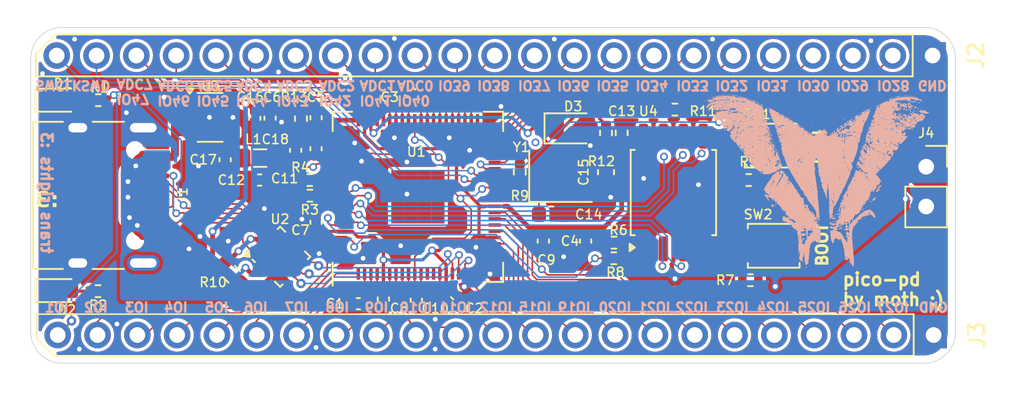
<source format=kicad_pcb>
(kicad_pcb (version 20240108) (generator "pcbnew") (generator_version "8.0")
  (layers (0 "F.Cu" signal) (31 "B.Cu" signal) (34 "B.Paste" user) (35 "F.Paste" user) (36 "B.SilkS" user "B.Silkscreen") (37 "F.SilkS" user "F.Silkscreen") (38 "B.Mask" user) (39 "F.Mask" user) (44 "Edge.Cuts" user))
  (net 0 "")
  (net 1 "3V3_C")
  (net 2 "GND")
  (net 3 "1V1_C")
  (net 4 "XIN")
  (net 5 "Net-(C15-Pad2)")
  (net 6 "Net-(U1-VREG_AVDD)")
  (net 7 "GPIO47_VBUS_ADC")
  (net 8 "VBUS")
  (net 9 "CC1")
  (net 10 "USB_P")
  (net 11 "SBU2")
  (net 12 "USB_N")
  (net 13 "CC2")
  (net 14 "SBU1")
  (net 15 "GPIO32")
  (net 16 "GPIO39")
  (net 17 "GPIO44_ADC4")
  (net 18 "GPIO43_ADC3")
  (net 19 "GPIO46_ADC6")
  (net 20 "GPIO37")
  (net 21 "GPIO36")
  (net 22 "GPIO40_ADC0")
  (net 23 "GPIO34")
  (net 24 "GPIO38")
  (net 25 "GPIO29")
  (net 26 "GPIO35")
  (net 27 "GPIO42_ADC2")
  (net 28 "GPIO41_ADC1")
  (net 29 "GPIO28")
  (net 30 "GPIO31")
  (net 31 "GPIO45_ADC5")
  (net 32 "GPIO30")
  (net 33 "GPIO33")
  (net 34 "GPIO15")
  (net 35 "GPIO22")
  (net 36 "GPIO2_PWR_LED")
  (net 37 "GPIO21")
  (net 38 "GPIO8")
  (net 39 "GPIO27")
  (net 40 "GPIO11")
  (net 41 "GPIO1_USR_LED")
  (net 42 "GPIO24")
  (net 43 "GPIO5")
  (net 44 "GPIO7")
  (net 45 "GPIO23")
  (net 46 "GPIO6")
  (net 47 "GPIO9")
  (net 48 "GPIO3")
  (net 49 "GPIO19")
  (net 50 "GPIO4")
  (net 51 "GPIO25")
  (net 52 "GPIO10")
  (net 53 "GPIO26")
  (net 54 "GPIO12")
  (net 55 "Net-(U1-VREG_LX)")
  (net 56 "Net-(U1-RUN)")
  (net 57 "Net-(U4-~{CS})")
  (net 58 "QSPI_CS")
  (net 59 "Net-(R7-Pad1)")
  (net 60 "GPIO0_CS")
  (net 61 "XOUT")
  (net 62 "VCONN")
  (net 63 "SWD")
  (net 64 "QSPI_SD0")
  (net 65 "SWCLK")
  (net 66 "QSPI_SCLK")
  (net 67 "UART0_RX")
  (net 68 "QSPI_SD1")
  (net 69 "QSPI_SD3")
  (net 70 "SDA_FUSB")
  (net 71 "INT_FUSB")
  (net 72 "UART0_TX")
  (net 74 "QSPI_SD2")
  (net 75 "SCL_FUSB")
  (net 77 "Net-(U1-USB_D+)")
  (net 78 "Net-(U1-USB_D-)")
  (net 79 "Net-(D1-A)")
  (net 80 "Net-(D2-A)")
  (net 81 "GPIO20")
  (footprint "Capacitor_SMD:C_0402_1005Metric" (layer "F.Cu") (at 123.9 67.6 -90)
    (property "Reference" "C4")
    (property "Value" "100n")
  )
  (footprint "Capacitor_SMD:C_0402_1005Metric" (layer "F.Cu") (at 113.1 71.375465 -90)
    (property "Reference" "C10")
    (property "Value" "100n")
  )
  (footprint "LED_SMD:LED_0603_1608Metric" (layer "F.Cu") (at 90.297991 70.761327)
    (property "Reference" "D2")
    (property "Value" "USR")
  )
  (footprint "Resistor_SMD:R_0402_1005Metric" (layer "F.Cu") (at 134.3 63.7)
    (property "Reference" "R5")
    (property "Value" "27r")
  )
  (footprint "Package_TO_SOT_SMD:SOT-23-5" (layer "F.Cu") (at 99.940047 59.697002)
    (property "Reference" "U3")
    (property "Value" "AP2112K-3.3")
  )
  (footprint "Package_DFN_QFN:WQFN-14-1EP_2.5x2.5mm_P0.5mm_EP1.45x1.45mm" (layer "F.Cu") (at 104.409117 68.6 45)
    (property "Reference" "U2")
    (property "Value" "FUSB302B01MPX")
  )
  (footprint "Capacitor_SMD:C_0402_1005Metric" (layer "F.Cu") (at 103.765189 59.74844 -90)
    (property "Reference" "C6")
    (property "Value" "100n")
  )
  (footprint "Connector_PinSocket_2.54mm:PinSocket_1x02_P2.54mm_Vertical" (layer "F.Cu") (at 145.625 62.85)
    (property "Reference" "J4")
    (property "Value" "Conn_01x02_Pin")
  )
  (footprint "header:PinSocket_1x23_P2.54mm_Vertical_other" (layer "F.Cu") (at 146.1 73.6 -90)
    (property "Reference" "J3")
    (property "Value" "GPIO_2")
  )
  (footprint "Capacitor_SMD:C_0603_1608Metric" (layer "F.Cu") (at 121.7 65.9 180)
    (property "Reference" "C14")
    (property "Value" "22pF")
  )
  (footprint "Capacitor_SMD:C_0402_1005Metric" (layer "F.Cu") (at 105.4 61.8 -90)
    (property "Reference" "C18")
    (property "Value" "4.7u")
  )
  (footprint "Connector_USB:USB_C_Receptacle_HRO_TYPE-C-31-M-12" (layer "F.Cu") (at 92.55 64.68 -90)
    (property "Reference" "J1")
    (property "Value" "USB_C_Receptacle")
  )
  (footprint "Capacitor_SMD:C_0402_1005Metric" (layer "F.Cu") (at 109.4 71.6 180)
    (property "Reference" "C1")
    (property "Value" "100n")
  )
  (footprint "Package_SO:SOIC-8_5.23x5.23mm_P1.27mm" (layer "F.Cu") (at 129.5 64.5 90)
    (property "Reference" "U4")
    (property "Value" "W25Q32JVSS")
  )
  (footprint "Resistor_SMD:R_0402_1005Metric" (layer "F.Cu") (at 105.738504 59.780049 -90)
    (property "Reference" "R13")
    (property "Value" "33r")
  )
  (footprint "Capacitor_SMD:C_0402_1005Metric" (layer "F.Cu") (at 111 71.3 -90)
    (property "Reference" "C8")
    (property "Value" "100n")
  )
  (footprint "Resistor_SMD:R_0402_1005Metric" (layer "F.Cu") (at 125.2 60.7 -90)
    (property "Reference" "R12")
    (property "Value" "1K")
  )
  (footprint "RP2350XB:QFN-80_EP_10.573x10.573_Pitch0.4mm" (layer "F.Cu") (at 113.2 64.775 90)
    (property "Reference" "U1")
    (property "Value" "~")
  )
  (footprint "LED_SMD:LED_0603_1608Metric" (layer "F.Cu") (at 90.287501 58.6)
    (property "Reference" "D1")
    (property "Value" "PWR")
  )
  (footprint "Capacitor_SMD:C_0402_1005Metric" (layer "F.Cu") (at 100.9 62.4 90)
    (property "Reference" "C17")
    (property "Value" "4.7u")
  )
  (footprint "Resistor_SMD:R_0402_1005Metric" (layer "F.Cu") (at 125.71 67.7 180)
    (property "Reference" "R6")
    (property "Value" "10k")
  )
  (footprint "Resistor_SMD:R_0402_1005Metric" (layer "F.Cu") (at 125.7 68.7)
    (property "Reference" "R8")
    (property "Value" "0r")
  )
  (footprint "Resistor_SMD:R_0402_1005Metric" (layer "F.Cu") (at 106.31 64.7)
    (property "Reference" "R3")
    (property "Value" "27r")
  )
  (footprint "Capacitor_SMD:C_0402_1005Metric" (layer "F.Cu") (at 106.7 61.7 -90)
    (property "Reference" "C11")
    (property "Value" "4.7u")
  )
  (footprint "Button_Switch_SMD:SW_SPST_B3U-1000P" (layer "F.Cu") (at 135.7 61.5 180)
    (property "Reference" "SW1")
    (property "Value" "RUN")
  )
  (footprint "Capacitor_SMD:C_0402_1005Metric" (layer "F.Cu") (at 115.639411 71 -45)
    (property "Reference" "C2")
    (property "Value" "100n")
  )
  (footprint "Capacitor_SMD:C_0402_1005Metric" (layer "F.Cu") (at 121.2 67.6 -90)
    (property "Reference" "C9")
    (property "Value" "100n")
  )
  (footprint "Capacitor_SMD:C_0402_1005Metric" (layer "F.Cu") (at 106.7 66.4 90)
    (property "Reference" "C7")
    (property "Value" "100n")
  )
  (footprint "Resistor_SMD:R_0402_1005Metric" (layer "F.Cu") (at 129.590001 59.2)
    (property "Reference" "R11")
    (property "Value" "10K")
  )
  (footprint "Capacitor_SMD:C_0603_1608Metric" (layer "F.Cu") (at 125.2 63.2 90)
    (property "Reference" "C15")
    (property "Value" "22pF")
  )
  (footprint "Resistor_SMD:R_0402_1005Metric" (layer "F.Cu") (at 92.79 70.8)
    (property "Reference" "R2")
    (property "Value" "1.5k")
  )
  (footprint "Resistor_SMD:R_0402_1005Metric" (layer "F.Cu") (at 126.2 60.690001 90)
    (property "Reference" "C13")
    (property "Value" "100n")
  )
  (footprint "Resistor_SMD:R_0402_1005Metric" (layer "F.Cu") (at 106.3 63.7)
    (property "Reference" "R4")
    (property "Value" "27r")
  )
  (footprint "Capacitor_SMD:C_0402_1005Metric" (layer "F.Cu") (at 103.1 63.7 180)
    (property "Reference" "C12")
    (property "Value" "100n")
  )
  (footprint "Inductor_SMD:L_0805_2012Metric" (layer "F.Cu") (at 103.1375 62.3 180)
    (property "Reference" "L1")
    (property "Value" "3.3u")
  )
  (footprint "Resistor_SMD:R_0603_1608Metric" (layer "F.Cu") (at 101.316637 69.716637 135)
    (property "Reference" "R10")
    (property "Value" "0R")
  )
  (footprint "Resistor_SMD:R_0402_1005Metric" (layer "F.Cu") (at 119.7 63.2 90)
    (property "Reference" "R9")
    (property "Value" "1K")
  )
  (footprint "Capacitor_SMD:C_0402_1005Metric" (layer "F.Cu") (at 112.7 58.1 135)
    (property "Reference" "C3")
    (property "Value" "100n")
  )
  (footprint "Capacitor_SMD:C_0402_1005Metric" (layer "F.Cu") (at 102.790472 59.754081 -90)
    (property "Reference" "C16")
    (property "Value" "4.7u")
  )
  (footprint "Button_Switch_SMD:SW_SPST_B3U-1000P" (layer "F.Cu") (at 135.9 67.9)
    (property "Reference" "SW2")
    (property "Value" "USB_BOOT")
  )
  (footprint "header:PinSocket_1x23_P2.54mm_Vertical" (layer "F.Cu") (at 146.036349 55.748043 -90)
    (property "Reference" "J2")
    (property "Value" "GPIO_1")
  )
  (footprint "Resistor_SMD:R_0402_1005Metric" (layer "F.Cu") (at 92.81 58.6)
    (property "Reference" "R1")
    (property "Value" "1.5k")
  )
  (footprint "Resistor_SMD:R_0402_1005Metric" (layer "F.Cu") (at 134.409999 70.1 180)
    (property "Reference" "R7")
    (property "Value" "1k")
  )
  (footprint "Crystal:Crystal_SMD_3225-4Pin_3.2x2.5mm" (layer "F.Cu") (at 122.3 63.45)
    (property "Reference" "Y1")
    (property "Value" "12MHz")
  )
  (footprint "Diode_SMD:D_0805_2012Metric" (layer "F.Cu") (at 122.962499 60.4)
    (property "Reference" "D3")
    (property "Value" "3V6")
  )
  (footprint "Capacitor_SMD:C_0402_1005Metric" (layer "F.Cu") (at 106.7 59.72 -90)
    (property "Reference" "C5")
    (property "Value" "100n")
  )
  (gr_poly (pts (xy 132.161999 59.256234) (xy 132.16351 59.256277) (xy 132.164959 59.256353) (xy 132.166345 59.256461) (xy 132.167666 59.2566) (xy 132.168921 59.256769) (xy 132.170107 59.256967) (xy 132.171225 59.25719) (xy 132.172272 59.257441) (xy 132.173247 59.257717) (xy 132.174146 59.258015) (xy 132.174971 59.258335) (xy 132.175718 59.258676) (xy 132.176385 59.259036) (xy 132.17697 59.259414) (xy 132.177475 59.25981) (xy 132.177895 59.26022) (xy 132.178231 59.260645) (xy 132.178477 59.261082) (xy 132.178567 59.261306) (xy 132.178636 59.261531) (xy 132.178682 59.261761) (xy 132.178704 59.261992) (xy 132.178704 59.262224) (xy 132.178681 59.262461) (xy 132.178634 59.262697) (xy 132.178564 59.262937) (xy 132.178469 59.263178) (xy 132.178351 59.26342) (xy 132.178041 59.263908) (xy 132.177632 59.264399) (xy 132.177125 59.264894) (xy 132.176515 59.26539) (xy 132.175401 59.26634) (xy 132.174061 59.267202) (xy 132.172515 59.267972) (xy 132.170782 59.268643) (xy 132.168884 59.26921) (xy 132.166841 59.269669) (xy 132.164674 59.270015) (xy 132.162403 59.270241) (xy 132.160049 59.270343) (xy 132.157635 59.270316) (xy 132.155179 59.270156) (xy 132.152702 59.269855) (xy 132.150225 59.269411) (xy 132.147769 59.268816) (xy 132.145354 59.268065) (xy 132.143001 59.267155) (xy 132.140581 59.266164) (xy 132.138608 59.265181) (xy 132.137787 59.264694) (xy 132.137075 59.264213) (xy 132.13647 59.263737) (xy 132.135973 59.263268) (xy 132.135581 59.262806) (xy 132.135294 59.262355) (xy 132.135112 59.261912) (xy 132.135032 59.26148) (xy 132.135055 59.26106) (xy 132.135178 59.260652) (xy 132.135402 59.260257) (xy 132.135724 59.259877) (xy 132.136146 59.259513) (xy 132.136664 59.259166) (xy 132.137278 59.258835) (xy 132.137988 59.258524) (xy 132.139689 59.25796) (xy 132.14176 59.25748) (xy 132.144192 59.257094) (xy 132.14698 59.256808) (xy 132.150112 59.25663) (xy 132.153584 59.256571) (xy 132.155377 59.256425) (xy 132.157116 59.256321) (xy 132.158801 59.256255) (xy 132.160428 59.256225)) (stroke (width -0.000001)) (fill solid) (layer "B.SilkS"))
  (gr_poly (pts (xy 135.993156 65.264514) (xy 135.995122 65.264767) (xy 135.997159 65.265212) (xy 135.999272 65.265837) (xy 136.00147 65.26664) (xy 136.003756 65.267608) (xy 136.006137 65.268734) (xy 136.008619 65.270013) (xy 136.011208 65.271433) (xy 136.015054 65.273401) (xy 136.018651 65.275335) (xy 136.022002 65.277232) (xy 136.025107 65.279088) (xy 136.027966 65.2809) (xy 136.030579 65.282664) (xy 136.03295 65.284379) (xy 136.035077 65.286039) (xy 136.03696 65.287644) (xy 136.038601 65.289187) (xy 136.040002 65.290667) (xy 136.041161 65.292083) (xy 136.042079 65.293427) (xy 136.042758 65.294698) (xy 136.043198 65.295893) (xy 136.0434 65.297009) (xy 136.043364 65.298042) (xy 136.043091 65.298989) (xy 136.042581 65.299847) (xy 136.041836 65.300612) (xy 136.040855 65.301282) (xy 136.03964 65.301852) (xy 136.038191 65.302321) (xy 136.036509 65.302685) (xy 136.034594 65.302941) (xy 136.032449 65.303085) (xy 136.030071 65.303113) (xy 136.027462 65.303023) (xy 136.024625 65.302811) (xy 136.021557 65.302475) (xy 136.018261 65.302012) (xy 136.014737 65.301418) (xy 136.013098 65.301118) (xy 136.011494 65.300878) (xy 136.009923 65.300697) (xy 136.008388 65.300574) (xy 136.00689 65.300505) (xy 136.005431 65.300492) (xy 136.004013 65.30053) (xy 136.002637 65.300619) (xy 136.001306 65.300756) (xy 136.00002 65.300942) (xy 135.998781 65.301174) (xy 135.997591 65.301449) (xy 135.99645 65.301767) (xy 135.995363 65.302127) (xy 135.994329 65.302525) (xy 135.99335 65.302962) (xy 135.992427 65.303434) (xy 135.991564 65.303942) (xy 135.990759 65.304481) (xy 135.990018 65.305053) (xy 135.98934 65.305654) (xy 135.988726 65.306282) (xy 135.988178 65.306939) (xy 135.9877 65.30762) (xy 135.98729 65.308324) (xy 135.986952 65.309049) (xy 135.986688 65.309794) (xy 135.986497 65.310558) (xy 135.986383 65.311339) (xy 135.986346 65.312134) (xy 135.98639 65.312944) (xy 135.986515 65.313764) (xy 135.986662 65.315951) (xy 135.986455 65.318515) (xy 135.985914 65.321428) (xy 135.985054 65.324652) (xy 135.983893 65.328155) (xy 135.982452 65.331904) (xy 135.980748 65.335865) (xy 135.978798 65.340003) (xy 135.97662 65.344287) (xy 135.974233 65.348682) (xy 135.971655 65.353154) (xy 135.968903 65.357669) (xy 135.965997 65.362197) (xy 135.962954 65.3667) (xy 135.959791 65.371145) (xy 135.956528 65.375502) (xy 135.945521 65.389896) (xy 135.937593 65.3997) (xy 135.934766 65.40274) (xy 135.932685 65.404461) (xy 135.931922 65.40481) (xy 135.931343 65.404808) (xy 135.930946 65.404448) (xy 135.930731 65.403724) (xy 135.930843 65.401151) (xy 135.931672 65.397033) (xy 135.933207 65.391313) (xy 135.935445 65.383935) (xy 135.941987 65.363974) (xy 135.951237 65.336696) (xy 135.955379 65.32358) (xy 135.95924 65.311971) (xy 135.962868 65.301803) (xy 135.96461 65.297239) (xy 135.966313 65.293012) (xy 135.967981 65.289113) (xy 135.969623 65.285534) (xy 135.971242 65.282266) (xy 135.972848 65.279304) (xy 135.974444 65.276636) (xy 135.976037 65.274257) (xy 135.977633 65.272158) (xy 135.979238 65.27033) (xy 135.98086 65.268765) (xy 135.982502 65.267455) (xy 135.984173 65.266394) (xy 135.985877 65.265572) (xy 135.987622 65.264981) (xy 135.989412 65.264613) (xy 135.991254 65.26446)) (stroke (width -0.000001)) (fill solid) (layer "B.SilkS"))
  (gr_poly (pts (xy 140.628973 59.936294) (xy 140.631112 59.936631) (xy 140.633039 59.937212) (xy 140.634749 59.938036) (xy 140.636236 59.9391) (xy 140.637496 59.940403) (xy 140.638523 59.941941) (xy 140.639313 59.943715) (xy 140.63986 59.945719) (xy 140.640159 59.947953) (xy 140.640205 59.950413) (xy 140.639991 59.953099) (xy 140.639515 59.956006) (xy 140.638771 59.959135) (xy 140.637751 59.962481) (xy 140.636454 59.966044) (xy 140.634872 59.969819) (xy 140.633 59.973806) (xy 140.630834 59.978002) (xy 140.628912 59.981678) (xy 140.627116 59.985414) (xy 140.62545 59.989194) (xy 140.623916 59.992995) (xy 140.622516 59.996794) (xy 140.621253 60.000574) (xy 140.62013 60.004312) (xy 140.619149 60.007987) (xy 140.618311 60.011581) (xy 140.617621 60.01507) (xy 140.617083 60.018437) (xy 140.616696 60.021658) (xy 140.616462 60.024714) (xy 140.616389 60.027583) (xy 140.616474 60.030246) (xy 140.616723 60.032682) (xy 140.617411 60.036035) (xy 140.617833 60.039154) (xy 140.617998 60.042034) (xy 140.617918 60.044682) (xy 140.617604 60.047095) (xy 140.617068 60.049274) (xy 140.61632 60.051223) (xy 140.615372 60.05294) (xy 140.614236 60.054427) (xy 140.612923 60.055685) (xy 140.611443 60.056715) (xy 140.609809 60.057518) (xy 140.608031 60.058095) (xy 140.60612 60.058446) (xy 140.604091 60.058574) (xy 140.601951 60.05848) (xy 140.599712 60.058162) (xy 140.597387 60.057623) (xy 140.594985 60.056863) (xy 140.59252 60.055885) (xy 140.590003 60.054689) (xy 140.587444 60.053274) (xy 140.584854 60.051644) (xy 140.582245 60.049798) (xy 140.579628 60.047737) (xy 140.577014 60.045462) (xy 140.574416 60.042976) (xy 140.571844 60.040279) (xy 140.569308 60.03737) (xy 140.566823 60.034252) (xy 140.564397 60.030925) (xy 140.562043 60.02739) (xy 140.558345 60.021405) (xy 140.555204 60.01597) (xy 140.553847 60.013437) (xy 140.552635 60.011014) (xy 140.551573 60.008696) (xy 140.55066 60.006471) (xy 140.549898 60.004331) (xy 140.549294 60.002269) (xy 140.548845 60.000273) (xy 140.548555 59.998337) (xy 140.548427 59.996451) (xy 140.548461 59.994607) (xy 140.548664 59.992796) (xy 140.549033 59.99101) (xy 140.549574 59.989239) (xy 140.550286 59.987473) (xy 140.551176 59.985708) (xy 140.55224 59.983931) (xy 140.553485 59.982133) (xy 140.554913 59.980309) (xy 140.556524 59.978448) (xy 140.558322 59.976541) (xy 140.560308 59.97458) (xy 140.562485 59.972555) (xy 140.567421 59.968283) (xy 140.573146 59.963654) (xy 140.579682 59.958599) (xy 140.584244 59.955265) (xy 140.588667 59.952208) (xy 140.592945 59.949426) (xy 140.597073 59.946916) (xy 140.601045 59.944676) (xy 140.604859 59.942704) (xy 140.608506 59.940998) (xy 140.611982 59.939553) (xy 140.615284 59.938372) (xy 140.618405 59.937448) (xy 140.621339 59.936781) (xy 140.624082 59.936368) (xy 140.626628 59.936205)) (stroke (width -0.000001)) (fill solid) (layer "B.SilkS"))
  (gr_poly (pts (xy 144.828492 58.948734) (xy 144.829512 58.94883) (xy 144.83054 58.949001) (xy 144.831573 58.949248) (xy 144.832611 58.949569) (xy 144.833649 58.949965) (xy 144.834688 58.950435) (xy 144.835725 58.950976) (xy 144.836754 58.951592) (xy 144.837778 58.952279) (xy 144.838792 58.953036) (xy 144.839793 58.953864) (xy 144.84078 58.954762) (xy 144.841751 58.955728) (xy 144.842702 58.956766) (xy 144.843634 58.957867) (xy 144.844542 58.959038) (xy 144.845423 58.960274) (xy 144.846278 58.961577) (xy 144.847103 58.962946) (xy 144.847895 58.964378) (xy 144.848653 58.965874) (xy 144.849373 58.967434) (xy 144.850056 58.969058) (xy 144.853422 58.977831) (xy 144.856236 58.985662) (xy 144.858482 58.992606) (xy 144.859386 58.99576) (xy 144.860143 58.998713) (xy 144.860749 59.001467) (xy 144.861205 59.004033) (xy 144.861507 59.006416) (xy 144.861653 59.008621) (xy 144.86164 59.010655) (xy 144.861469 59.012526) (xy 144.861136 59.014239) (xy 144.86064 59.0158) (xy 144.859978 59.017217) (xy 144.859149 59.018496) (xy 144.858151 59.019643) (xy 144.85698 59.020665) (xy 144.855639 59.021568) (xy 144.854121 59.022357) (xy 144.852427 59.023043) (xy 144.850553 59.023627) (xy 144.848499 59.02412) (xy 144.846261 59.024525) (xy 144.843839 59.024851) (xy 144.841231 59.025103) (xy 144.835445 59.025411) (xy 144.82889 59.025501) (xy 144.82535 59.02536) (xy 144.822009 59.024942) (xy 144.818864 59.02426) (xy 144.815923 59.023332) (xy 144.813181 59.022168) (xy 144.810643 59.020781) (xy 144.808309 59.019188) (xy 144.80618 59.017399) (xy 144.804258 59.01543) (xy 144.802543 59.013294) (xy 144.801038 59.011003) (xy 144.799744 59.008572) (xy 144.798662 59.006016) (xy 144.797793 59.003346) (xy 144.797138 59.000576) (xy 144.796699 58.997721) (xy 144.796477 58.994792) (xy 144.796473 58.991807) (xy 144.796689 58.988775) (xy 144.797125 58.985711) (xy 144.797785 58.98263) (xy 144.798668 58.979544) (xy 144.799775 58.976467) (xy 144.801109 58.973412) (xy 144.802669 58.970394) (xy 144.804459 58.967426) (xy 144.806478 58.96452) (xy 144.808729 58.961692) (xy 144.811212 58.958954) (xy 144.81393 58.95632) (xy 144.816882 58.953803) (xy 144.820071 58.951419) (xy 144.820913 58.950798) (xy 144.821783 58.95026) (xy 144.82268 58.949803) (xy 144.823601 58.949426) (xy 144.824545 58.949131) (xy 144.825508 58.948915) (xy 144.826489 58.948777) (xy 144.827484 58.948717)) (stroke (width -0.000001)) (fill solid) (layer "B.SilkS"))
  (gr_poly (pts (xy 144.986855 59.281076) (xy 144.988122 59.281168) (xy 144.989424 59.281324) (xy 144.990764 59.28154) (xy 144.992137 59.28182) (xy 144.993546 59.282161) (xy 144.996459 59.283029) (xy 145.006547 59.28799) (xy 145.011031 59.290223) (xy 145.013081 59.291277) (xy 145.014979 59.29229) (xy 145.016714 59.293262) (xy 145.018267 59.294192) (xy 145.019623 59.295081) (xy 145.020768 59.295928) (xy 145.021255 59.296336) (xy 145.021685 59.296734) (xy 145.022054 59.297121) (xy 145.02236 59.297498) (xy 145.0226 59.297865) (xy 145.022776 59.298222) (xy 145.022882 59.298569) (xy 145.022918 59.298905) (xy 145.022882 59.299241) (xy 145.022776 59.299587) (xy 145.02236 59.30031) (xy 145.021685 59.301075) (xy 145.020767 59.30188) (xy 145.019623 59.302729) (xy 145.018267 59.303618) (xy 145.016714 59.304548) (xy 145.01498 59.305519) (xy 145.011032 59.307586) (xy 145.006547 59.309818) (xy 144.996459 59.314779) (xy 144.994986 59.315243) (xy 144.993545 59.315647) (xy 144.992137 59.315988) (xy 144.990764 59.316268) (xy 144.989425 59.316485) (xy 144.988122 59.31664) (xy 144.986856 59.316733) (xy 144.985627 59.316763) (xy 144.984438 59.316733) (xy 144.983288 59.31664) (xy 144.982179 59.316485) (xy 144.98111 59.316268) (xy 144.980086 59.315988) (xy 144.979105 59.315648) (xy 144.978168 59.315245) (xy 144.977277 59.314779) (xy 144.976431 59.314252) (xy 144.975634 59.313663) (xy 144.974885 59.313012) (xy 144.974185 59.312299) (xy 144.973536 59.311524) (xy 144.97294 59.310687) (xy 144.972394 59.309788) (xy 144.971901 59.308826) (xy 144.971464 59.307802) (xy 144.971082 59.306718) (xy 144.970755 59.305571) (xy 144.970486 59.304362) (xy 144.970274 59.303089) (xy 144.970123 59.301757) (xy 144.97003 59.300361) (xy 144.969999 59.298905) (xy 144.97003 59.297447) (xy 144.970123 59.296052) (xy 144.970275 59.294719) (xy 144.970486 59.293447) (xy 144.970755 59.292238) (xy 144.971082 59.291091) (xy 144.971464 59.290006) (xy 144.971901 59.288983) (xy 144.972394 59.288021) (xy 144.97294 59.287122) (xy 144.973537 59.286285) (xy 144.974186 59.28551) (xy 144.974885 59.284797) (xy 144.975635 59.284146) (xy 144.976432 59.283557) (xy 144.977277 59.283029) (xy 144.978168 59.282564) (xy 144.979105 59.282161) (xy 144.980086 59.28182) (xy 144.981111 59.281541) (xy 144.982179 59.281324) (xy 144.983287 59.281168) (xy 144.984438 59.281077) (xy 144.985628 59.281045)) (stroke (width -0.000001)) (fill solid) (layer "B.SilkS"))
  (gr_poly (pts (xy 138.016916 69.222574) (xy 138.017081 69.222666) (xy 138.017409 69.223025) (xy 138.01773 69.223612) (xy 138.018046 69.224418) (xy 138.01835 69.225429) (xy 138.018642 69.226636) (xy 138.019176 69.229599) (xy 138.019627 69.233223) (xy 138.019975 69.237426) (xy 138.020198 69.242124) (xy 138.020277 69.247237) (xy 138.020242 69.248556) (xy 138.020136 69.249861) (xy 138.019961 69.251152) (xy 138.01972 69.252427) (xy 138.019414 69.253684) (xy 138.019046 69.254919) (xy 138.018616 69.256134) (xy 138.018127 69.257326) (xy 138.017584 69.258491) (xy 138.016984 69.259627) (xy 138.01633 69.260735) (xy 138.015627 69.26181) (xy 138.014874 69.262853) (xy 138.014075 69.26386) (xy 138.013229 69.26483) (xy 138.01234 69.265759) (xy 138.011411 69.266648) (xy 138.010442 69.267493) (xy 138.009435 69.268292) (xy 138.008392 69.269045) (xy 138.007317 69.26975) (xy 138.00621 69.270403) (xy 138.005072 69.271003) (xy 138.003906 69.271546) (xy 138.002716 69.272034) (xy 138.001502 69.272465) (xy 138.000265 69.272833) (xy 137.999009 69.273139) (xy 137.997734 69.27338) (xy 137.996443 69.273555) (xy 137.995138 69.273661) (xy 137.99382 69.273697) (xy 137.992517 69.273728) (xy 137.991258 69.273819) (xy 137.990042 69.27397) (xy 137.98887 69.274179) (xy 137.987741 69.274445) (xy 137.986662 69.274767) (xy 137.985628 69.275141) (xy 137.984641 69.275571) (xy 137.983706 69.276051) (xy 137.98282 69.276582) (xy 137.981984 69.277162) (xy 137.981201 69.277789) (xy 137.980469 69.278463) (xy 137.979793 69.279182) (xy 137.979171 69.279945) (xy 137.978607 69.280752) (xy 137.978098 69.281599) (xy 137.977647 69.282487) (xy 137.977255 69.283412) (xy 137.976922 69.284376) (xy 137.97665 69.285375) (xy 137.97644 69.286411) (xy 137.976293 69.287479) (xy 137.976208 69.288579) (xy 137.97619 69.289711) (xy 137.976236 69.290872) (xy 137.976348 69.292062) (xy 137.976529 69.293279) (xy 137.976778 69.294522) (xy 137.977096 69.295789) (xy 137.977485 69.297079) (xy 137.977945 69.298392) (xy 137.9784 69.299559) (xy 137.978774 69.300745) (xy 137.979068 69.301946) (xy 137.979285 69.30316) (xy 137.979426 69.304384) (xy 137.979491 69.305616) (xy 137.979484 69.306853) (xy 137.979406 69.308093) (xy 137.979257 69.309331) (xy 137.97904 69.310569) (xy 137.978758 69.311802) (xy 137.97841 69.313025) (xy 137.977999 69.314239) (xy 137.977526 69.315441) (xy 137.976993 69.316626) (xy 137.976401 69.317793) (xy 137.975752 69.318941) (xy 137.975049 69.320065) (xy 137.974293 69.321161) (xy 137.973483 69.32223) (xy 137.972624 69.32327) (xy 137.971716 69.324274) (xy 137.97076 69.325243) (xy 137.96976 69.326173) (xy 137.968714 69.327061) (xy 137.967628 69.327906) (xy 137.9665 69.328704) (xy 137.965332 69.329453) (xy 137.964127 69.330149) (xy 137.962888 69.330793) (xy 137.961614 69.33138) (xy 137.960307 69.331906) (xy 137.956172 69.333275) (xy 137.952363 69.334094) (xy 137.94888 69.334392) (xy 137.945715 69.334197) (xy 137.942868 69.333538) (xy 137.940335 69.332444) (xy 137.938109 69.330943) (xy 137.93619 69.329067) (xy 137.934574 69.32684) (xy 137.933255 69.324294) (xy 137.932233 69.321455) (xy 137.931502 69.318355) (xy 137.931059 69.315021) (xy 137.9309 69.311482) (xy 137.931022 69.307766) (xy 137.931422 69.303903) (xy 137.932096 69.299921) (xy 137.93304 69.295849) (xy 137.93425 69.291714) (xy 137.935725 69.287549) (xy 137.937458 69.283378) (xy 137.939449 69.279233) (xy 137.941692 69.275142) (xy 137.944183 69.271133) (xy 137.94692 69.267235) (xy 137.949899 69.263477) (xy 137.953116 69.259887) (xy 137.956569 69.256495) (xy 137.960252 69.253329) (xy 137.964163 69.250418) (xy 137.968297 69.24779) (xy 137.972654 69.245475) (xy 137.980481 69.241016) (xy 137.987977 69.236929) (xy 137.994978 69.233257) (xy 138.001316 69.230039) (xy 138.006829 69.227318) (xy 138.011349 69.225134) (xy 138.01675 69.222544)) (stroke (width -0.000001)) (fill solid) (layer "B.SilkS"))
  (gr_poly (pts (xy 137.740641 67.368716) (xy 137.741452 67.368779) (xy 137.742249 67.36888) (xy 137.743034 67.36902) (xy 137.743804 67.369199) (xy 137.74456 67.369418) (xy 137.745298 67.369672) (xy 137.74602 67.369964) (xy 137.746725 67.370293) (xy 137.74741 67.370656) (xy 137.748075 67.371055) (xy 137.748719 67.371487) (xy 137.749341 67.371954) (xy 137.749939 67.372453) (xy 137.750515 67.372984) (xy 137.751065 67.373547) (xy 137.751589 67.374142) (xy 137.752087 67.374766) (xy 137.752557 67.375421) (xy 137.752997 67.376104) (xy 137.753409 67.376816) (xy 137.753789 67.377555) (xy 137.754139 67.378322) (xy 137.754455 67.379115) (xy 137.754738 67.379934) (xy 137.754986 67.380778) (xy 137.755199 67.381647) (xy 137.755375 67.382538) (xy 137.755513 67.383455) (xy 137.755614 67.384394) (xy 137.755675 67.385354) (xy 137.755695 67.386336) (xy 137.755658 67.387162) (xy 137.755553 67.387987) (xy 137.755376 67.388809) (xy 137.755134 67.389626) (xy 137.754825 67.390436) (xy 137.754451 67.391238) (xy 137.754015 67.392031) (xy 137.753517 67.392812) (xy 137.752347 67.394334) (xy 137.750951 67.395792) (xy 137.749344 67.397172) (xy 137.747536 67.398462) (xy 137.745545 67.399647) (xy 137.743379 67.400718) (xy 137.741052 67.401658) (xy 137.73858 67.402457) (xy 137.735972 67.403102) (xy 137.733243 67.403577) (xy 137.730405 67.403872) (xy 137.727473 67.403974) (xy 137.726171 67.403948) (xy 137.724911 67.403872) (xy 137.723694 67.403748) (xy 137.722522 67.403577) (xy 137.721395 67.40336) (xy 137.720314 67.403102) (xy 137.719281 67.4028) (xy 137.718295 67.402458) (xy 137.717359 67.402077) (xy 137.716472 67.401659) (xy 137.715637 67.401206) (xy 137.714853 67.400718) (xy 137.714123 67.400198) (xy 137.713447 67.399648) (xy 137.712825 67.399069) (xy 137.71226 67.398462) (xy 137.71175 67.397829) (xy 137.7113 67.397172) (xy 137.710907 67.396492) (xy 137.710575 67.395792) (xy 137.710303 67.395072) (xy 137.710093 67.394334) (xy 137.709945 67.39358) (xy 137.709862 67.392812) (xy 137.709843 67.39203) (xy 137.709889 67.391238) (xy 137.710002 67.390436) (xy 137.710181 67.389626) (xy 137.710431 67.388809) (xy 137.710749 67.387986) (xy 137.711137 67.387161) (xy 137.711598 67.386335) (xy 137.712671 67.384394) (xy 137.713896 67.382538) (xy 137.715261 67.380778) (xy 137.716752 67.379115) (xy 137.718357 67.377555) (xy 137.720063 67.376104) (xy 137.721856 67.374766) (xy 137.723725 67.373548) (xy 137.725654 67.372453) (xy 137.727634 67.371487) (xy 137.729651 67.370655) (xy 137.731689 67.369964) (xy 137.733739 67.369418) (xy 137.735786 67.36902) (xy 137.737817 67.368779) (xy 137.73982 67.368697)) (stroke (width -0.000001)) (fill solid) (layer "B.SilkS"))
  (gr_poly (pts (xy 137.576642 69.110645) (xy 137.578875 69.111292) (xy 137.581443 69.112346) (xy 137.584316 69.113779) (xy 137.590854 69.117675) (xy 137.598249 69.12276) (xy 137.606264 69.128813) (xy 137.614655 69.135616) (xy 137.623183 69.142948) (xy 137.631606 69.150589) (xy 137.639688 69.158322) (xy 137.647185 69.165927) (xy 137.653858 69.173182) (xy 137.659466 69.179868) (xy 137.663769 69.185767) (xy 137.665357 69.188352) (xy 137.666527 69.190658) (xy 137.667252 69.192656) (xy 137.6675 69.194321) (xy 137.667464 69.194812) (xy 137.667358 69.195292) (xy 137.667183 69.195762) (xy 137.666942 69.19622) (xy 137.666636 69.196666) (xy 137.666268 69.1971) (xy 137.665351 69.197932) (xy 137.664205 69.198712) (xy 137.66285 69.199438) (xy 137.661296 69.200106) (xy 137.659562 69.200716) (xy 137.657663 69.201263) (xy 137.655615 69.201746) (xy 137.653432 69.202161) (xy 137.65113 69.202507) (xy 137.648724 69.20278) (xy 137.646231 69.202978) (xy 137.643665 69.2031) (xy 137.641042 69.203141) (xy 137.639553 69.203176) (xy 137.638068 69.203282) (xy 137.636586 69.203456) (xy 137.63511 69.203699) (xy 137.633641 69.204004) (xy 137.632182 69.204373) (xy 137.630734 69.204801) (xy 137.6293 69.20529) (xy 137.627883 69.205835) (xy 137.626482 69.206435) (xy 137.625101 69.207088) (xy 137.623741 69.207792) (xy 137.622403 69.208544) (xy 137.621093 69.209344) (xy 137.618552 69.211077) (xy 137.616136 69.212977) (xy 137.613861 69.215026) (xy 137.611739 69.21721) (xy 137.609789 69.219512) (xy 137.608881 69.220703) (xy 137.608024 69.221917) (xy 137.607216 69.223154) (xy 137.606461 69.224411) (xy 137.605759 69.225686) (xy 137.605114 69.226977) (xy 137.604528 69.228282) (xy 137.604001 69.229599) (xy 137.602638 69.232161) (xy 137.6012 69.23455) (xy 137.600455 69.235677) (xy 137.599695 69.236758) (xy 137.598919 69.237791) (xy 137.59813 69.238777) (xy 137.597328 69.239713) (xy 137.596513 69.2406) (xy 137.595689 69.241434) (xy 137.594854 69.242218) (xy 137.59401 69.242949) (xy 137.593157 69.243625) (xy 137.592298 69.244247) (xy 137.591433 69.244812) (xy 137.590562 69.245321) (xy 137.589688 69.245772) (xy 137.588809 69.246165) (xy 137.587929 69.246497) (xy 137.587048 69.246769) (xy 137.586166 69.246979) (xy 137.585284 69.247126) (xy 137.584405 69.24721) (xy 137.583527 69.247229) (xy 137.582654 69.247183) (xy 137.581784 69.24707) (xy 137.580922 69.24689) (xy 137.580065 69.246641) (xy 137.579215 69.246323) (xy 137.578374 69.245934) (xy 137.577542 69.245475) (xy 137.57593 69.244204) (xy 137.574401 69.2424) (xy 137.572957 69.240096) (xy 137.571598 69.237327) (xy 137.569143 69.230533) (xy 137.567041 69.222296) (xy 137.5653 69.21289) (xy 137.56393 69.202594) (xy 137.562937 69.191682) (xy 137.562329 69.180431) (xy 137.562113 69.169118) (xy 137.562298 69.158021) (xy 137.562891 69.147414) (xy 137.563899 69.137574) (xy 137.565331 69.128778) (xy 137.567197 69.121302) (xy 137.568293 69.118147) (xy 137.5695 69.115424) (xy 137.570818 69.113171) (xy 137.57225 69.11142) (xy 137.5733 69.110681) (xy 137.574773 69.110431)) (stroke (width -0.000001)) (fill solid) (layer "B.SilkS"))
  (gr_poly (pts (xy 136.06181 61.708087) (xy 136.063448 61.708163) (xy 136.064964 61.708288) (xy 136.066358 61.70846) (xy 136.067631 61.708681) (xy 136.068782 61.708952) (xy 136.069812 61.709273) (xy 136.070723 61.709648) (xy 136.071512 61.710075) (xy 136.072183 61.710555) (xy 136.072734 61.711092) (xy 136.073166 61.711684) (xy 136.073478 61.712333) (xy 136.073673 61.713039) (xy 136.073749 61.713805) (xy 136.073707 61.71463) (xy 136.073547 61.715516) (xy 136.07327 61.716463) (xy 136.072876 61.717472) (xy 136.072366 61.718546) (xy 136.071739 61.719685) (xy 136.070997 61.720888) (xy 136.070139 61.722159) (xy 136.069166 61.723497) (xy 136.068078 61.724903) (xy 136.066874 61.72638) (xy 136.064126 61.729544) (xy 136.062225 61.732228) (xy 136.060495 61.734975) (xy 136.05894 61.737772) (xy 136.057565 61.740595) (xy 136.056379 61.743429) (xy 136.055382 61.746254) (xy 136.054581 61.749055) (xy 136.053982 61.751812) (xy 136.053592 61.754507) (xy 136.053412 61.757121) (xy 136.053403 61.758393) (xy 136.053449 61.759638) (xy 136.05355 61.760853) (xy 136.053707 61.762036) (xy 136.053922 61.763187) (xy 136.054194 61.764303) (xy 136.054525 61.76538) (xy 136.054914 61.766415) (xy 136.055362 61.76741) (xy 136.05587 61.768359) (xy 136.05644 61.769261) (xy 136.05707 61.770113) (xy 136.058269 61.771643) (xy 136.05922 61.772924) (xy 136.059922 61.773957) (xy 136.060377 61.774742) (xy 136.060512 61.775043) (xy 136.060583 61.77528) (xy 136.060594 61.775456) (xy 136.060542 61.77557) (xy 136.060429 61.775622) (xy 136.060252 61.775611) (xy 136.060016 61.775539) (xy 136.059716 61.775405) (xy 136.058929 61.774949) (xy 136.057897 61.774247) (xy 136.056615 61.773296) (xy 136.055086 61.772097) (xy 136.051281 61.768955) (xy 136.046487 61.764821) (xy 136.044053 61.7629) (xy 136.041402 61.761111) (xy 136.038565 61.759461) (xy 136.035572 61.757958) (xy 136.032456 61.756611) (xy 136.029247 61.755427) (xy 136.025976 61.754412) (xy 136.022674 61.753577) (xy 136.019372 61.752927) (xy 136.016101 61.752471) (xy 136.012892 61.752215) (xy 136.009776 61.752171) (xy 136.006784 61.752343) (xy 136.003947 61.75274) (xy 136.001296 61.753369) (xy 136.00005 61.753773) (xy 135.998861 61.754238) (xy 135.997549 61.754709) (xy 135.996259 61.755128) (xy 135.994991 61.755496) (xy 135.993749 61.755813) (xy 135.992532 61.75608) (xy 135.991343 61.756296) (xy 135.990182 61.756463) (xy 135.98905 61.756581) (xy 135.98795 61.75665) (xy 135.986881 61.756669) (xy 135.985847 61.756641) (xy 135.984847 61.756564) (xy 135.983884 61.756439) (xy 135.982957 61.756267) (xy 135.98207 61.756048) (xy 135.981223 61.755782) (xy 135.980416 61.755469) (xy 135.979654 61.75511) (xy 135.978934 61.754706) (xy 135.97826 61.754255) (xy 135.977632 61.75376) (xy 135.977053 61.753219) (xy 135.976522 61.752635) (xy 135.976041 61.752005) (xy 135.975613 61.751333) (xy 135.975237 61.750616) (xy 135.974915 61.749856) (xy 135.97465 61.749053) (xy 135.97444 61.748208) (xy 135.97429 61.74732) (xy 135.974197 61.746389) (xy 135.974166 61.745419) (xy 135.974197 61.744422) (xy 135.974289 61.743415) (xy 135.974439 61.742404) (xy 135.974646 61.741388) (xy 135.974909 61.740368) (xy 135.975224 61.739349) (xy 135.975593 61.738331) (xy 135.976013 61.737314) (xy 135.976999 61.735303) (xy 135.978167 61.733326) (xy 135.979506 61.7314) (xy 135.981001 61.729543) (xy 135.982643 61.727768) (xy 135.984417 61.726091) (xy 135.986307 61.724528) (xy 135.988306 61.723094) (xy 135.990397 61.721805) (xy 135.992568 61.720676) (xy 135.993679 61.720177) (xy 135.994806 61.719723) (xy 135.995946 61.719317) (xy 135.997097 61.718961) (xy 135.999243 61.717969) (xy 136.00169 61.716987) (xy 136.004411 61.716019) (xy 136.007378 61.715074) (xy 136.013933 61.713286) (xy 136.021131 61.711684) (xy 136.02874 61.71033) (xy 136.036537 61.709286) (xy 136.040434 61.708899) (xy 136.044292 61.708614) (xy 136.048083 61.708437) (xy 136.051778 61.708377) (xy 136.056161 61.70813) (xy 136.060049 61.708056)) (stroke (width -0.000001)) (fill solid) (layer "B.SilkS"))
  (gr_poly (pts (xy 136.302581 63.047189) (xy 136.302911 63.04725) (xy 136.30324 63.047351) (xy 136.303566 63.047491) (xy 136.304212 63.047889) (xy 136.304841 63.048435) (xy 136.305449 63.049128) (xy 136.306034 63.049959) (xy 136.306586 63.050924) (xy 136.307102 63.052019) (xy 136.307576 63.053238) (xy 136.308004 63.054575) (xy 136.30838 63.056027) (xy 136.308699 63.057585) (xy 136.308957 63.05925) (xy 136.309148 63.061011) (xy 136.309266 63.062865) (xy 136.309306 63.064807) (xy 136.309281 63.065634) (xy 136.309204 63.066459) (xy 136.30908 63.06728) (xy 136.308907 63.068098) (xy 136.308687 63.068908) (xy 136.308423 63.069709) (xy 136.308114 63.070503) (xy 136.307763 63.071284) (xy 136.307369 63.072053) (xy 136.306938 63.072807) (xy 136.306466 63.073543) (xy 136.305957 63.074264) (xy 136.305413 63.074965) (xy 136.304832 63.075645) (xy 136.304219 63.076302) (xy 136.303574 63.076934) (xy 136.302897 63.077541) (xy 136.30219 63.07812) (xy 136.301455 63.078671) (xy 136.300693 63.07919) (xy 136.299906 63.079677) (xy 136.299093 63.080131) (xy 136.298257 63.08055) (xy 136.2974 63.08093) (xy 136.296522 63.081273) (xy 136.295624 63.081575) (xy 136.294708 63.081833) (xy 136.293776 63.08205) (xy 136.292828 63.082221) (xy 136.291865 63.082345) (xy 136.29089 63.082421) (xy 136.289903 63.082447) (xy 136.289092 63.08242) (xy 136.288312 63.082345) (xy 136.287565 63.082221) (xy 136.28685 63.08205) (xy 136.286169 63.081833) (xy 136.285524 63.081575) (xy 136.284912 63.081273) (xy 136.284336 63.080931) (xy 136.283796 63.080549) (xy 136.283292 63.080131) (xy 136.282827 63.079678) (xy 136.2824 63.07919) (xy 136.282011 63.078671) (xy 136.281662 63.078121) (xy 136.281352 63.077541) (xy 136.281084 63.076934) (xy 136.280856 63.076302) (xy 136.28067 63.075645) (xy 136.280529 63.074965) (xy 136.280429 63.074264) (xy 136.280374 63.073544) (xy 136.280363 63.072807) (xy 136.280397 63.072053) (xy 136.280477 63.071283) (xy 136.280604 63.070503) (xy 136.280778 63.069709) (xy 136.281 63.068908) (xy 136.281269 63.068098) (xy 136.281588 63.06728) (xy 136.281958 63.066459) (xy 136.282377 63.065634) (xy 136.282847 63.064806) (xy 136.28388 63.062865) (xy 136.284984 63.061011) (xy 136.28615 63.05925) (xy 136.287367 63.057585) (xy 136.288627 63.056027) (xy 136.289916 63.054574) (xy 136.291227 63.053237) (xy 136.292548 63.052019) (xy 136.293871 63.050924) (xy 136.295181 63.049959) (xy 136.296472 63.049128) (xy 136.297731 63.048436) (xy 136.298346 63.048143) (xy 136.298948 63.047889) (xy 136.299539 63.047672) (xy 136.300114 63.047491) (xy 136.300674 63.047351) (xy 136.301219 63.04725) (xy 136.301744 63.047189) (xy 136.30225 63.047168)) (stroke (width -0.000001)) (fill solid) (layer "B.SilkS"))
  (gr_poly (pts (xy 145.373527 58.53304) (xy 145.375036 58.533081) (xy 145.376485 58.533158) (xy 145.377872 58.533267) (xy 145.379194 58.533406) (xy 145.380449 58.533575) (xy 145.381635 58.533771) (xy 145.382754 58.533997) (xy 145.383801 58.534247) (xy 145.384775 58.534522) (xy 145.385675 58.534821) (xy 145.386499 58.535141) (xy 145.387245 58.535481) (xy 145.387912 58.535842) (xy 145.388498 58.536219) (xy 145.389003 58.536615) (xy 145.389424 58.537026) (xy 145.389758 58.53745) (xy 145.390005 58.537887) (xy 145.390097 58.538112) (xy 145.390165 58.538338) (xy 145.39021 58.538566) (xy 145.390232 58.538797) (xy 145.390233 58.539031) (xy 145.390209 58.539266) (xy 145.390161 58.539503) (xy 145.390091 58.539743) (xy 145.389997 58.539983) (xy 145.389879 58.540226) (xy 145.389568 58.540714) (xy 145.389161 58.541206) (xy 145.388651 58.541699) (xy 145.388042 58.542196) (xy 145.38693 58.543146) (xy 145.385589 58.544007) (xy 145.384043 58.544777) (xy 145.38231 58.545448) (xy 145.380411 58.546016) (xy 145.378368 58.546475) (xy 145.3762 58.54682) (xy 145.373931 58.547047) (xy 145.371577 58.547148) (xy 145.369163 58.547123) (xy 145.366707 58.546962) (xy 145.36423 58.546661) (xy 145.361751 58.546216) (xy 145.359296 58.545621) (xy 145.356881 58.544871) (xy 145.354528 58.543961) (xy 145.352108 58.54297) (xy 145.350134 58.541987) (xy 145.349314 58.5415) (xy 145.348602 58.541019) (xy 145.347997 58.540543) (xy 145.3475 58.540074) (xy 145.347107 58.539613) (xy 145.346822 58.539161) (xy 145.346639 58.538718) (xy 145.346559 58.538286) (xy 145.346582 58.537866) (xy 145.346705 58.537458) (xy 145.346928 58.537064) (xy 145.347251 58.536683) (xy 145.347672 58.53632) (xy 145.348191 58.535972) (xy 145.348806 58.535642) (xy 145.349515 58.53533) (xy 145.351217 58.534765) (xy 145.353288 58.534286) (xy 145.35572 58.533899) (xy 145.358507 58.533614) (xy 145.36164 58.533437) (xy 145.365112 58.533377) (xy 145.366903 58.533232) (xy 145.368644 58.533127) (xy 145.370329 58.533061) (xy 145.371957 58.533032)) (stroke (width -0.000001)) (fill solid) (layer "B.SilkS"))
  (gr_poly (pts (xy 140.931677 59.872179) (xy 140.932637 59.872209) (xy 140.933576 59.872259) (xy 140.934492 59.872327) (xy 140.935384 59.872414) (xy 140.936253 59.872518) (xy 140.937096 59.872639) (xy 140.937916 59.872775) (xy 140.938709 59.872928) (xy 140.939476 59.873095) (xy 140.940215 59.873276) (xy 140.940927 59.873471) (xy 140.94161 59.873679) (xy 140.942265 59.873899) (xy 140.942889 59.874131) (xy 140.943483 59.874374) (xy 140.944046 59.874627) (xy 140.944578 59.87489) (xy 140.945076 59.875161) (xy 140.945543 59.875442) (xy 140.945976 59.87573) (xy 140.946374 59.876025) (xy 140.946738 59.876326) (xy 140.947065 59.876634) (xy 140.947358 59.876946) (xy 140.947613 59.877263) (xy 140.94783 59.877583) (xy 140.94801 59.877908) (xy 140.948151 59.878235) (xy 140.948252 59.878563) (xy 140.948313 59.878893) (xy 140.948334 59.879225) (xy 140.948313 59.879729) (xy 140.948252 59.880255) (xy 140.94801 59.88136) (xy 140.947613 59.882526) (xy 140.947066 59.883744) (xy 140.946374 59.885003) (xy 140.945543 59.886293) (xy 140.944578 59.887605) (xy 140.943483 59.888926) (xy 140.942265 59.890247) (xy 140.940926 59.891558) (xy 140.939476 59.892848) (xy 140.937916 59.894107) (xy 140.936253 59.895325) (xy 140.934491 59.896491) (xy 140.932637 59.897594) (xy 140.930695 59.898627) (xy 140.929868 59.899096) (xy 140.929044 59.899517) (xy 140.928222 59.899885) (xy 140.927405 59.900204) (xy 140.926594 59.900474) (xy 140.925792 59.900697) (xy 140.925 59.90087) (xy 140.924218 59.900997) (xy 140.923449 59.901077) (xy 140.922696 59.901112) (xy 140.921957 59.901101) (xy 140.921238 59.901045) (xy 140.920538 59.900946) (xy 140.919858 59.900803) (xy 140.9192 59.900618) (xy 140.918567 59.90039) (xy 140.917961 59.900122) (xy 140.917382 59.899813) (xy 140.916831 59.899463) (xy 140.916312 59.899074) (xy 140.915824 59.898647) (xy 140.915371 59.898181) (xy 140.914953 59.897678) (xy 140.914572 59.897138) (xy 140.914229 59.896561) (xy 140.913928 59.895951) (xy 140.913668 59.895303) (xy 140.913452 59.894624) (xy 140.91328 59.893908) (xy 140.913157 59.893162) (xy 140.913082 59.892382) (xy 140.913056 59.891571) (xy 140.913082 59.890585) (xy 140.913157 59.889609) (xy 140.91328 59.888647) (xy 140.913451 59.887698) (xy 140.913668 59.886766) (xy 140.913928 59.885851) (xy 140.914229 59.884953) (xy 140.914572 59.884075) (xy 140.914953 59.883217) (xy 140.915371 59.882382) (xy 140.915824 59.881569) (xy 140.916312 59.88078) (xy 140.916831 59.880019) (xy 140.917382 59.879285) (xy 140.917961 59.878578) (xy 140.918567 59.877901) (xy 140.919201 59.877256) (xy 140.919857 59.876641) (xy 140.920538 59.876062) (xy 140.921237 59.875516) (xy 140.921957 59.875009) (xy 140.922695 59.874536) (xy 140.923449 59.874104) (xy 140.924217 59.873712) (xy 140.924999 59.87336) (xy 140.925791 59.873053) (xy 140.926595 59.872788) (xy 140.927405 59.872569) (xy 140.928222 59.872396) (xy 140.929044 59.872271) (xy 140.929869 59.872195) (xy 140.930694 59.872169)) (stroke (width -0.000001)) (fill solid) (layer "B.SilkS"))
  (gr_poly (pts (xy 144.958314 58.981183) (xy 144.95975 58.981461) (xy 144.961165 58.981876) (xy 144.962567 58.982434) (xy 144.963962 58.983131) (xy 144.965354 58.983969) (xy 144.966752 58.984948) (xy 144.968162 58.986067) (xy 144.969588 58.98733) (xy 144.971037 58.988735) (xy 144.972516 58.990282) (xy 144.97403 58.991971) (xy 144.975585 58.993804) (xy 144.978847 58.997899) (xy 144.982348 59.002571) (xy 144.987309 59.00926) (xy 144.991615 59.015494) (xy 144.995269 59.021348) (xy 144.998277 59.026907) (xy 144.999542 59.0296) (xy 145.000645 59.032248) (xy 145.001591 59.034863) (xy 145.002378 59.037453) (xy 145.003007 59.040029) (xy 145.003479 59.042601) (xy 145.003795 59.045178) (xy 145.003955 59.047771) (xy 145.003961 59.05039) (xy 145.003812 59.053045) (xy 145.003508 59.055746) (xy 145.003053 59.058502) (xy 145.002445 59.061325) (xy 145.001685 59.064223) (xy 144.999711 59.070288) (xy 144.997139 59.076776) (xy 144.993972 59.083769) (xy 144.990216 59.091345) (xy 144.985876 59.099585) (xy 144.983396 59.104695) (xy 144.981253 59.109455) (xy 144.980308 59.111712) (xy 144.97945 59.11389) (xy 144.978679 59.115993) (xy 144.977994 59.118023) (xy 144.977397 59.119984) (xy 144.976889 59.121877) (xy 144.97647 59.123707) (xy 144.976141 59.125475) (xy 144.975902 59.127185) (xy 144.975754 59.12884) (xy 144.975698 59.130443) (xy 144.975733 59.131996) (xy 144.975864 59.133503) (xy 144.976087 59.134967) (xy 144.976404 59.136388) (xy 144.976816 59.137774) (xy 144.977324 59.139124) (xy 144.977927 59.140441) (xy 144.978629 59.141731) (xy 144.979427 59.142993) (xy 144.980324 59.144233) (xy 144.981319 59.145451) (xy 144.982414 59.146654) (xy 144.983609 59.147841) (xy 144.984904 59.149015) (xy 144.986302 59.150183) (xy 144.987802 59.151344) (xy 144.989403 59.152502) (xy 144.992814 59.155004) (xy 144.995766 59.157222) (xy 144.99826 59.159161) (xy 145.00029 59.160825) (xy 145.001856 59.162221) (xy 145.002953 59.163354) (xy 145.003326 59.163823) (xy 145.003581 59.164228) (xy 145.003717 59.16457) (xy 145.003735 59.164849) (xy 145.003634 59.165066) (xy 145.003414 59.165221) (xy 145.003075 59.165317) (xy 145.002615 59.165351) (xy 145.002036 59.165328) (xy 145.001336 59.165244) (xy 144.999573 59.164904) (xy 144.997325 59.164337) (xy 144.994588 59.163547) (xy 144.99136 59.162539) (xy 144.98764 59.161322) (xy 144.986327 59.160955) (xy 144.985037 59.160518) (xy 144.98377 59.160015) (xy 144.982527 59.159447) (xy 144.98131 59.158817) (xy 144.980121 59.158128) (xy 144.97896 59.157382) (xy 144.977828 59.15658) (xy 144.975658 59.154827) (xy 144.973625 59.152888) (xy 144.971736 59.150783) (xy 144.970001 59.148533) (xy 144.968432 59.146159) (xy 144.967039 59.143681) (xy 144.965831 59.141123) (xy 144.96482 59.138501) (xy 144.964015 59.135837) (xy 144.963429 59.133153) (xy 144.963069 59.13047) (xy 144.962977 59.129135) (xy 144.962946 59.127807) (xy 144.963075 59.126185) (xy 144.963133 59.124623) (xy 144.963118 59.123127) (xy 144.963035 59.121692) (xy 144.962882 59.120321) (xy 144.962659 59.119013) (xy 144.962368 59.11777) (xy 144.962009 59.11659) (xy 144.961581 59.115475) (xy 144.961088 59.114425) (xy 144.960531 59.113441) (xy 144.959907 59.112521) (xy 144.959218 59.111668) (xy 144.958466 59.11088) (xy 144.95765 59.11016) (xy 144.956772 59.109507) (xy 144.955831 59.10892) (xy 144.95483 59.108401) (xy 144.953766 59.10795) (xy 144.952645 59.107567) (xy 144.951462 59.107253) (xy 144.950222 59.107007) (xy 144.948923 59.10683) (xy 144.947566 59.106723) (xy 144.946153 59.106686) (xy 144.944682 59.106719) (xy 144.943158 59.106822) (xy 144.941578 59.106996) (xy 144.939944 59.10724) (xy 144.938255 59.107557) (xy 144.934722 59.108405) (xy 144.933209 59.108699) (xy 144.931647 59.108921) (xy 144.928394 59.109156) (xy 144.924991 59.10911) (xy 144.921466 59.10879) (xy 144.917848 59.108202) (xy 144.914166 59.10735) (xy 144.910448 59.10624) (xy 144.90672 59.104875) (xy 144.903016 59.103265) (xy 144.899359 59.101411) (xy 144.895779 59.099319) (xy 144.892307 59.096993) (xy 144.888968 59.094442) (xy 144.885792 59.091668) (xy 144.882807 59.088677) (xy 144.881395 59.087102) (xy 144.880042 59.085474) (xy 144.876035 59.080488) (xy 144.872622 59.0761) (xy 144.869817 59.072285) (xy 144.86764 59.06902) (xy 144.866791 59.067587) (xy 144.866103 59.066282) (xy 144.865579 59.065103) (xy 144.865222 59.064049) (xy 144.865031 59.063114) (xy 144.865012 59.062296) (xy 144.865164 59.061591) (xy 144.86549 59.060999) (xy 144.865992 59.060517) (xy 144.866671 59.060139) (xy 144.86753 59.059863) (xy 144.86857 59.059688) (xy 144.869794 59.059609) (xy 144.871202 59.059623) (xy 144.874584 59.059925) (xy 144.878732 59.060567) (xy 144.883659 59.061526) (xy 144.889383 59.062781) (xy 144.895917 59.064308) (xy 144.899637 59.065207) (xy 144.903188 59.065927) (xy 144.906568 59.066473) (xy 144.90977 59.06685) (xy 144.912793 59.067064) (xy 144.915633 59.067121) (xy 144.918287 59.067027) (xy 144.92075 59.066788) (xy 144.923018 59.066409) (xy 144.925091 59.065896) (xy 144.926962 59.065256) (xy 144.928629 59.064493) (xy 144.930087 59.063614) (xy 144.931333 59.062624) (xy 144.932366 59.06153) (xy 144.93318 59.060339) (xy 144.933771 59.059053) (xy 144.934136 59.05768) (xy 144.934271 59.056224) (xy 144.934174 59.054696) (xy 144.933842 59.053096) (xy 144.933269 59.051432) (xy 144.932451 59.04971) (xy 144.931388 59.047936) (xy 144.930074 59.046116) (xy 144.928504 59.044254) (xy 144.926679 59.042358) (xy 144.924591 59.040433) (xy 144.922239 59.038484) (xy 144.919617 59.036518) (xy 144.916725 59.034541) (xy 144.913557 59.032557) (xy 144.912446 59.031725) (xy 144.911428 59.030882) (xy 144.910505 59.030026) (xy 144.909677 59.029157) (xy 144.908945 59.028274) (xy 144.908309 59.027374) (xy 144.90777 59.026461) (xy 144.907327 59.025529) (xy 144.906983 59.024579) (xy 144.906739 59.02361) (xy 144.906594 59.022622) (xy 144.906549 59.021612) (xy 144.906605 59.02058) (xy 144.906762 59.019526) (xy 144.907021 59.018447) (xy 144.907383 59.017344) (xy 144.907846 59.016215) (xy 144.908417 59.015057) (xy 144.909091 59.013874) (xy 144.90987 59.012662) (xy 144.910754 59.011419) (xy 144.911746 59.010146) (xy 144.912846 59.008842) (xy 144.914053 59.007505) (xy 144.916792 59.004728) (xy 144.919971 59.00181) (xy 144.923595 58.998742) (xy 144.927668 58.995516) (xy 144.93272 58.991816) (xy 144.937324 58.988656) (xy 144.939474 58.98728) (xy 144.941531 58.986039) (xy 144.943501 58.984935) (xy 144.945389 58.983968) (xy 144.947203 58.983137) (xy 144.948947 58.982444) (xy 144.95063 58.981888) (xy 144.952255 58.98147) (xy 144.95383 58.98119) (xy 144.955361 58.981049) (xy 144.956854 58.981047)) (stroke (width -0.000001)) (fill solid) (layer "B.SilkS"))
  (gr_poly (pts (xy 137.503037 68.627887) (xy 137.503836 68.627993) (xy 137.504644 68.628158) (xy 137.505457 68.628382) (xy 137.506276 68.628665) (xy 137.507099 68.629008) (xy 137.507924 68.629412) (xy 137.508751 68.629877) (xy 137.509733 68.630481) (xy 137.510692 68.631294) (xy 137.512546 68.633532) (xy 137.514309 68.63654) (xy 137.515972 68.640268) (xy 137.517532 68.644668) (xy 137.518983 68.64969) (xy 137.52032 68.655286) (xy 137.521539 68.661407) (xy 137.522633 68.668002) (xy 137.523599 68.675025) (xy 137.525122 68.690153) (xy 137.526065 68.706397) (xy 137.526389 68.723365) (xy 137.526037 68.733493) (xy 137.525634 68.742719) (xy 137.525175 68.751044) (xy 137.524653 68.758476) (xy 137.524364 68.761859) (xy 137.524058 68.765019) (xy 137.52373 68.767959) (xy 137.523382 68.770679) (xy 137.523012 68.773179) (xy 137.522618 68.775459) (xy 137.522201 68.777521) (xy 137.521759 68.779367) (xy 137.521292 68.780995) (xy 137.520796 68.782406) (xy 137.520275 68.783602) (xy 137.519722 68.784582) (xy 137.519437 68.784993) (xy 137.519143 68.785349) (xy 137.51884 68.785652) (xy 137.518531 68.785901) (xy 137.518213 68.786098) (xy 137.517888 68.786241) (xy 137.517554 68.78633) (xy 137.517211 68.786366) (xy 137.516861 68.786351) (xy 137.516503 68.786282) (xy 137.516134 68.786159) (xy 137.515759 68.785985) (xy 137.515373 68.785759) (xy 137.514979 68.785478) (xy 137.514163 68.784761) (xy 137.513309 68.783836) (xy 137.512418 68.782701) (xy 137.511486 68.781357) (xy 137.510515 68.779808) (xy 137.507621 68.774426) (xy 137.504903 68.768253) (xy 137.502363 68.761367) (xy 137.500014 68.753845) (xy 137.49786 68.745766) (xy 137.495911 68.737206) (xy 137.494172 68.728242) (xy 137.492654 68.718954) (xy 137.491365 68.709417) (xy 137.490309 68.699708) (xy 137.489496 68.689909) (xy 137.488933 68.680093) (xy 137.488631 68.670337) (xy 137.488593 68.660724) (xy 137.48883 68.651326) (xy 137.489348 68.642223) (xy 137.489534 68.641086) (xy 137.489759 68.639992) (xy 137.490024 68.63894) (xy 137.490326 68.637931) (xy 137.490664 68.636965) (xy 137.491038 68.636045) (xy 137.491444 68.63517) (xy 137.491883 68.634341) (xy 137.492353 68.633559) (xy 137.492853 68.632823) (xy 137.493381 68.632135) (xy 137.493937 68.631496) (xy 137.494517 68.630906) (xy 137.495123 68.630365) (xy 137.495753 68.629875) (xy 137.496403 68.629436) (xy 137.497075 68.629048) (xy 137.497765 68.628713) (xy 137.498474 68.628431) (xy 137.499201 68.628203) (xy 137.499942 68.628028) (xy 137.500696 68.627909) (xy 137.501465 68.627844) (xy 137.502246 68.627837)) (stroke (width -0.000001)) (fill solid) (layer "B.SilkS"))
  (gr_poly (pts (xy 144.332157 58.307709) (xy 144.427383 58.311127) (xy 144.52848 58.31686) (xy 144.628109 58.324577) (xy 144.718932 58.333947) (xy 144.793612 58.344641) (xy 144.825296 58.350897) (xy 144.85758 58.357649) (xy 144.889575 58.364733) (xy 144.92039 58.37198) (xy 144.949141 58.379229) (xy 144.974934 58.386313) (xy 144.996883 58.393065) (xy 145.006138 58.396265) (xy 145.014097 58.399321) (xy 145.021062 58.401902) (xy 145.027389 58.404348) (xy 145.033064 58.406643) (xy 145.038075 58.408775) (xy 145.042403 58.410731) (xy 145.046034 58.412499) (xy 145.048951 58.414065) (xy 145.050136 58.414768) (xy 145.051139 58.415417) (xy 145.051955 58.416008) (xy 145.052584 58.41654) (xy 145.053022 58.417014) (xy 145.053268 58.417426) (xy 145.053321 58.417773) (xy 145.053274 58.417923) (xy 145.053178 58.418056) (xy 145.052837 58.418273) (xy 145.052297 58.418421) (xy 145.051555 58.4185) (xy 145.050609 58.418507) (xy 145.049458 58.418441) (xy 145.048099 58.418301) (xy 145.044753 58.417789) (xy 145.040556 58.41696) (xy 144.935222 58.394653) (xy 144.842146 58.376418) (xy 144.758371 58.361862) (xy 144.680943 58.350594) (xy 144.606904 58.342219) (xy 144.533299 58.336344) (xy 144.457174 58.332579) (xy 144.37557 58.330529) (xy 144.325871 58.330209) (xy 144.280596 58.329289) (xy 144.240694 58.327832) (xy 144.223056 58.326921) (xy 144.207119 58.325899) (xy 144.193 58.324774) (xy 144.180819 58.323553) (xy 144.170694 58.322245) (xy 144.162745 58.320856) (xy 144.157091 58.319395) (xy 144.155161 58.31864) (xy 144.15385 58.317869) (xy 144.153172 58.317083) (xy 144.153141 58.316287) (xy 144.153774 58.315476) (xy 144.155083 58.314655) (xy 144.167932 58.311465) (xy 144.18867 58.309143) (xy 144.250141 58.306938)) (stroke (width -0.000001)) (fill solid) (layer "B.SilkS"))
  (gr_poly (pts (xy 135.59665 59.093353) (xy 135.631063 59.105179) (xy 135.693547 59.133667) (xy 135.788297 59.180945) (xy 136.091383 59.340382) (xy 136.57389 59.600528) (xy 136.647514 59.642284) (xy 136.743857 59.699748) (xy 136.852725 59.766473) (xy 136.963928 59.836008) (xy 137.067279 59.901906) (xy 137.152582 59.957716) (xy 137.209651 59.99699) (xy 137.224412 60.008412) (xy 137.227792 60.011714) (xy 137.228292 60.013279) (xy 137.225238 60.015516) (xy 137.22236 60.017916) (xy 137.21966 60.02047) (xy 137.217137 60.023167) (xy 137.214792 60.025996) (xy 137.212626 60.028945) (xy 137.210639 60.032005) (xy 137.208834 60.035163) (xy 137.207209 60.038408) (xy 137.205766 60.041732) (xy 137.204504 60.045121) (xy 137.203426 60.048564) (xy 137.20253 60.052052) (xy 137.201819 60.055573) (xy 137.201293 60.059115) (xy 137.200951 60.062669) (xy 137.200797 60.066222) (xy 137.200828 60.069764) (xy 137.201048 60.073285) (xy 137.201454 60.076772) (xy 137.20205 60.080215) (xy 137.202836 60.083605) (xy 137.203811 60.086928) (xy 137.204976 60.090174) (xy 137.206332 60.093331) (xy 137.207881 60.096392) (xy 137.209621 60.09934) (xy 137.211556 60.10217) (xy 137.213684 60.104867) (xy 137.216006 60.107421) (xy 137.218524 60.109821) (xy 137.221237 60.112057) (xy 137.22518 60.114935) (xy 137.229072 60.117618) (xy 137.232911 60.120104) (xy 137.236702 60.122396) (xy 137.240442 60.124492) (xy 137.244131 60.126392) (xy 137.24777 60.1281) (xy 137.251361 60.129613) (xy 137.254902 60.130932) (xy 137.258395 60.132058) (xy 137.261838 60.13299) (xy 137.265234 60.133729) (xy 137.268582 60.134277) (xy 137.271883 60.134632) (xy 137.275136 60.134796) (xy 137.278343 60.134767) (xy 137.281503 60.134548) (xy 137.284616 60.134136) (xy 137.287685 60.133536) (xy 137.290707 60.132745) (xy 137.293683 60.131763) (xy 137.296617 60.130592) (xy 137.299504 60.129233) (xy 137.302348 60.127684) (xy 137.305147 60.125947) (xy 137.307903 60.124021) (xy 137.310616 60.121906) (xy 137.313285 60.119605) (xy 137.315913 60.117116) (xy 137.318497 60.114441) (xy 137.321041 60.111578) (xy 137.323542 60.108529) (xy 137.328056 60.103116) (xy 137.330481 60.100818) (xy 137.333025 60.098792) (xy 137.335697 60.097046) (xy 137.338499 60.095577) (xy 137.341436 60.094387) (xy 137.344516 60.093481) (xy 137.347743 60.092859) (xy 137.351122 60.092522) (xy 137.35466 60.092474) (xy 137.358362 60.092716) (xy 137.362233 60.093249) (xy 137.366277 60.094077) (xy 137.374915 60.096623) (xy 137.384318 60.100366) (xy 137.394528 60.105325) (xy 137.405592 60.111513) (xy 137.417552 60.118946) (xy 137.430451 60.127642) (xy 137.444337 60.137613) (xy 137.45925 60.148875) (xy 137.475235 60.161446) (xy 137.4851 60.169673) (xy 137.495935 60.178313) (xy 137.50739 60.187119) (xy 137.519113 60.195842) (xy 137.530754 60.204233) (xy 137.541961 60.212048) (xy 137.552383 60.219033) (xy 137.561668 60.224945) (xy 137.575193 60.234465) (xy 137.589835 60.245202) (xy 137.604394 60.256231) (xy 137.617671 60.266618) (xy 137.628468 60.275434) (xy 137.63256 60.278962) (xy 137.635584 60.281749) (xy 137.63739 60.283678) (xy 137.637788 60.284284) (xy 137.637825 60.284632) (xy 137.637482 60.284708) (xy 137.63674 60.284496) (xy 137.633987 60.283155) (xy 137.633625 60.282855) (xy 137.633204 60.282615) (xy 137.632726 60.282436) (xy 137.632192 60.282314) (xy 137.631605 60.282249) (xy 137.630966 60.282239) (xy 137.629549 60.282383) (xy 137.627956 60.282733) (xy 137.626204 60.283279) (xy 137.624312 60.284011) (xy 137.622301 60.284918) (xy 137.620184 60.285991) (xy 137.617983 60.287219) (xy 137.615715 60.288593) (xy 137.613399 60.2901) (xy 137.611051 60.291731) (xy 137.60869 60.293476) (xy 137.606334 60.295324) (xy 137.604001 60.297265) (xy 137.601186 60.299452) (xy 137.598369 60.301386) (xy 137.595559 60.303071) (xy 137.592766 60.304514) (xy 137.589997 60.305719) (xy 137.587262 60.306691) (xy 137.584567 60.307436) (xy 137.581924 60.307959) (xy 137.579341 60.308265) (xy 137.576826 60.308359) (xy 137.574386 60.308245) (xy 137.572034 60.307931) (xy 137.569775 60.307421) (xy 137.567619 60.306719) (xy 137.565575 60.305831) (xy 137.563652 60.304762) (xy 137.561858 60.303518) (xy 137.560201 60.302103) (xy 137.558691 60.300522) (xy 137.557337 60.298781) (xy 137.556147 60.296886) (xy 137.555128 60.294839) (xy 137.554293 60.292649) (xy 137.553646 60.290319) (xy 137.5532 60.287856) (xy 137.55296 60.285262) (xy 137.552939 60.282545) (xy 137.553141 60.279709) (xy 137.553577 60.276759) (xy 137.554256 60.2737) (xy 137.555186 60.270539) (xy 137.556376 60.267278) (xy 137.557842 60.263206) (xy 137.558929 60.259576) (xy 137.559327 60.257925) (xy 137.559628 60.256381) (xy 137.559829 60.254943) (xy 137.559931 60.253609) (xy 137.559932 60.252379) (xy 137.559832 60.251251) (xy 137.559628 60.250224) (xy 137.559321 60.249296) (xy 137.558909 60.248466) (xy 137.558392 60.247733) (xy 137.557769 60.247096) (xy 137.557037 60.246554) (xy 137.556197 60.246104) (xy 137.555248 60.245746) (xy 137.554188 60.245478) (xy 137.553017 60.245299) (xy 137.551732 60.245209) (xy 137.550336 60.245205) (xy 137.548825 60.245286) (xy 137.547198 60.245451) (xy 137.543595 60.246028) (xy 137.539518 60.246924) (xy 137.534962 60.248133) (xy 137.529917 60.24964) (xy 137.524849 60.251125) (xy 137.520212 60.252265) (xy 137.518048 60.252699) (xy 137.515984 60.253042) (xy 137.514016 60.253292) (xy 137.512141 60.253444) (xy 137.510356 60.253498) (xy 137.508658 60.253451) (xy 137.507046 60.253302) (xy 137.505516 60.253051) (xy 137.504063 60.252693) (xy 137.502688 60.252227) (xy 137.501385 60.251651) (xy 137.500152 60.250963) (xy 137.498986 60.250162) (xy 137.497884 60.249244) (xy 137.496844 60.24821) (xy 137.495862 60.247056) (xy 137.494935 60.245781) (xy 137.494063 60.244382) (xy 137.493238 60.242858) (xy 137.492462 60.241207) (xy 137.491729 60.239426) (xy 137.491036 60.237515) (xy 137.490383 60.23547) (xy 137.489764 60.23329) (xy 137.488621 60.228518) (xy 137.487584 60.223182) (xy 137.486821 60.219217) (xy 137.485868 60.215276) (xy 137.484738 60.211381) (xy 137.48345 60.207555) (xy 137.482016 60.203823) (xy 137.480452 60.200207) (xy 137.478776 60.196731) (xy 137.477 60.193417) (xy 137.475143 60.190289) (xy 137.473218 60.18737) (xy 137.471241 60.184685) (xy 137.469228 60.182254) (xy 137.467195 60.180104) (xy 137.466175 60.17914) (xy 137.465156 60.178255) (xy 137.464139 60.177452) (xy 137.463128 60.176732) (xy 137.462123 60.1761) (xy 137.461126 60.175558) (xy 137.459185 60.175292) (xy 137.457651 60.175789) (xy 137.456508 60.177003) (xy 137.455738 60.178893) (xy 137.455324 60.181412) (xy 137.45525 60.184518) (xy 137.456054 60.192314) (xy 137.458016 60.20193) (xy 137.461002 60.213013) (xy 137.464875 60.225211) (xy 137.469503 60.238175) (xy 137.474752 60.251552) (xy 137.480487 60.264992) (xy 137.486572 60.278142) (xy 137.492875 60.290651) (xy 137.499261 60.302168) (xy 137.505594 60.312341) (xy 137.511742 60.32082) (xy 137.51757 60.327252) (xy 137.51912 60.32843) (xy 137.520467 60.329329) (xy 137.521064 60.329675) (xy 137.521612 60.329953) (xy 137.52211 60.330165) (xy 137.522558 60.330311) (xy 137.522958 60.330393) (xy 137.523308 60.330411) (xy 137.52361 60.330366) (xy 137.523864 60.33026) (xy 137.52407 60.330093) (xy 137.524229 60.329866) (xy 137.52434 60.32958) (xy 137.524405 60.329236) (xy 137.524423 60.328836) (xy 137.524395 60.328379) (xy 137.524321 60.327869) (xy 137.524202 60.327304) (xy 137.523828 60.326016) (xy 137.523275 60.324524) (xy 137.522547 60.322835) (xy 137.521646 60.320958) (xy 137.520574 60.3189) (xy 137.519334 60.316669) (xy 137.517228 60.312885) (xy 137.51553 60.309466) (xy 137.514224 60.306405) (xy 137.513295 60.303698) (xy 137.512725 60.301335) (xy 137.512501 60.299309) (xy 137.512606 60.297615) (xy 137.513023 60.296246) (xy 137.513737 60.295195) (xy 137.514733 60.294454) (xy 137.515994 60.294018) (xy 137.517505 60.293878) (xy 137.519248 60.29403) (xy 137.521211 60.294467) (xy 137.523377 60.295179) (xy 137.525728 60.296163) (xy 137.530926 60.298914) (xy 137.536679 60.302663) (xy 137.542863 60.30736) (xy 137.549348 60.312948) (xy 137.556009 60.319373) (xy 137.562718 60.32658) (xy 137.569351 60.334516) (xy 137.575779 60.343127) (xy 137.611056 60.392516) (xy 137.646334 60.348419) (xy 137.681612 60.306085) (xy 137.75393 60.357238) (xy 137.770148 60.368252) (xy 137.784454 60.378211) (xy 137.796921 60.387221) (xy 137.802487 60.391401) (xy 137.80762 60.395383) (xy 137.812329 60.399178) (xy 137.816623 60.4028) (xy 137.820512 60.406262) (xy 137.824005 60.409576) (xy 137.827109 60.412757) (xy 137.829835 60.415815) (xy 137.832191 60.418765) (xy 137.834188 60.42162) (xy 137.835833 60.424392) (xy 137.837135 60.427095) (xy 137.838105 60.42974) (xy 137.838749 60.432341) (xy 137.839078 60.434911) (xy 137.839103 60.437463) (xy 137.838829 60.440011) (xy 137.838267 60.442566) (xy 137.837426 60.445142) (xy 137.836314 60.44775) (xy 137.834944 60.450407) (xy 137.83332 60.453122) (xy 137.831453 60.455909) (xy 137.829352 60.458782) (xy 137.827028 60.461753) (xy 137.824487 60.464835) (xy 137.821431 60.468999) (xy 137.818891 60.47293) (xy 137.817821 60.474826) (xy 137.816889 60.476687) (xy 137.816097 60.478517) (xy 137.815447 60.480324) (xy 137.814941 60.482116) (xy 137.814581 60.483898) (xy 137.814373 60.48568) (xy 137.814317 60.487469) (xy 137.814415 60.48927) (xy 137.814671 60.49109) (xy 137.815088 60.492939) (xy 137.815667 60.49482) (xy 137.816412 60.496745) (xy 137.817324 60.498717) (xy 137.818407 60.500744) (xy 137.819664 60.502834) (xy 137.821096 60.504994) (xy 137.822706 60.507231) (xy 137.826471 60.511964) (xy 137.830981 60.517089) (xy 137.836255 60.522665) (xy 137.842315 60.528746) (xy 137.849181 60.535391) (xy 137.896806 60.579488) (xy 137.896805 60.524807) (xy 137.896888 60.519562) (xy 137.897127 60.514431) (xy 137.897516 60.509443) (xy 137.898047 60.504633) (xy 137.898712 60.500028) (xy 137.899504 60.495662) (xy 137.900414 60.491563) (xy 137.901436 60.487765) (xy 137.901987 60.485988) (xy 137.902561 60.484298) (xy 137.903161 60.482698) (xy 137.903783 60.481192) (xy 137.904426 60.479784) (xy 137.90509 60.478478) (xy 137.905776 60.47728) (xy 137.90648 60.47619) (xy 137.907202 60.475214) (xy 137.907941 60.474355) (xy 137.908696 60.473618) (xy 137.909467 60.473007) (xy 137.910251 60.472524) (xy 137.911049 60.472175) (xy 137.911859 60.471962) (xy 137.912681 60.471891) (xy 137.915314 60.472023) (xy 137.917924 60.472414) (xy 137.9205 60.473054) (xy 137.92304 60.473932) (xy 137.925536 60.47504) (xy 137.927986 60.476367) (xy 137.930381 60.477902) (xy 137.932718 60.479635) (xy 137.934989 60.481557) (xy 137.93719 60.483658) (xy 137.939317 60.485927) (xy 137.941361 60.488355) (xy 137.945186 60.493646) (xy 137.948619 60.49945) (xy 137.95162 60.505691) (xy 137.954143 60.512284) (xy 137.956142 60.519152) (xy 137.957577 60.526212) (xy 137.958401 60.533387) (xy 137.958572 60.536992) (xy 137.958573 60.540596) (xy 137.958399 60.544188) (xy 137.958046 60.547758) (xy 137.957507 60.551297) (xy 137.956778 60.554794) (xy 137.955888 60.558881) (xy 137.955203 60.563178) (xy 137.95472 60.567653) (xy 137.954435 60.572267) (xy 137.954347 60.576984) (xy 137.954453 60.581768) (xy 137.95475 60.586584) (xy 137.955234 60.591393) (xy 137.955906 60.596163) (xy 137.956761 60.600855) (xy 137.957797 60.605432) (xy 137.959011 60.60986) (xy 137.9604 60.614101) (xy 137.961962 60.618121) (xy 137.963695 60.621882) (xy 137.965597 60.62535) (xy 137.968411 60.629955) (xy 137.970916 60.633835) (xy 137.973132 60.636965) (xy 137.975079 60.639323) (xy 137.975957 60.640204) (xy 137.976777 60.640885) (xy 137.977539 60.64136) (xy 137.978248 60.641628) (xy 137.978905 60.641684) (xy 137.979513 60.641527) (xy 137.980073 60.641155) (xy 137.98059 60.640563) (xy 137.981066 60.639749) (xy 137.981504 60.638709) (xy 137.982272 60.635943) (xy 137.982915 60.632242) (xy 137.983457 60.627582) (xy 137.983914 60.62194) (xy 137.984312 60.615293) (xy 137.985001 60.598891) (xy 137.985083 60.591572) (xy 137.985187 60.588129) (xy 137.985334 60.584827) (xy 137.985524 60.581669) (xy 137.985756 60.578652) (xy 137.986032 60.575775) (xy 137.986351 60.573039) (xy 137.986714 60.570442) (xy 137.987121 60.567984) (xy 137.987573 60.565664) (xy 137.988069 60.563482) (xy 137.988612 60.561436) (xy 137.989199 60.559528) (xy 137.989832 60.557755) (xy 137.990512 60.556115) (xy 137.991239 60.554613) (xy 137.992012 60.553242) (xy 137.992832 60.552005) (xy 137.993699 60.5509) (xy 137.994614 60.549927) (xy 137.995578 60.549086) (xy 137.99659 60.548375) (xy 137.997651 60.547793) (xy 137.99876 60.547341) (xy 137.99992 60.547017) (xy 138.001128 60.546821) (xy 138.002388 60.546752) (xy 138.003698 60.546811) (xy 138.005058 60.546994) (xy 138.006469 60.547304) (xy 138.007931 60.547737) (xy 138.008923 60.548124) (xy 138.009913 60.548622) (xy 138.011876 60.549933) (xy 138.013802 60.551641) (xy 138.015676 60.553719) (xy 138.017475 60.556138) (xy 138.019186 60.558869) (xy 138.020787 60.561884) (xy 138.022263 60.565156) (xy 138.023593 60.568655) (xy 138.02476 60.572353) (xy 138.025747 60.576221) (xy 138.026535 60.580232) (xy 138.027105 60.584356) (xy 138.02744 60.588564) (xy 138.027522 60.592832) (xy 138.027334 60.597126) (xy 138.027047 60.60335) (xy 138.026858 60.608797) (xy 138.026784 60.613482) (xy 138.026838 60.617411) (xy 138.026918 60.619096) (xy 138.027037 60.620596) (xy 138.027196 60.621912) (xy 138.027395 60.623048) (xy 138.027641 60.624001) (xy 138.027931 60.624776) (xy 138.028268 60.625371) (xy 138.028657 60.62579) (xy 138.029096 60.626033) (xy 138.029589 60.626102) (xy 138.030137 60.625998) (xy 138.030745 60.625721) (xy 138.031409 60.625274) (xy 138.032137 60.624659) (xy 138.032928 60.623875) (xy 138.033782 60.622923) (xy 138.035698 60.620528) (xy 138.037897 60.61748) (xy 138.040395 60.613792) (xy 138.043209 60.609474) (xy 138.046429 60.604847) (xy 138.049538 60.600905) (xy 138.052631 60.597672) (xy 138.054202 60.596328) (xy 138.055803 60.595169) (xy 138.057451 60.5942) (xy 138.059153 60.593421) (xy 138.060924 60.592838) (xy 138.062774 60.592452) (xy 138.064716 60.592265) (xy 138.066761 60.592282) (xy 138.068922 60.592505) (xy 138.071211 60.592937) (xy 138.073639 60.593581) (xy 138.076219 60.59444) (xy 138.081879 60.596813) (xy 138.08829 60.60008) (xy 138.095547 60.604265) (xy 138.103743 60.609389) (xy 138.112976 60.615479) (xy 138.134931 60.630641) (xy 138.146497 60.638845) (xy 138.156763 60.64634) (xy 138.165794 60.65324) (xy 138.173653 60.659662) (xy 138.180409 60.665723) (xy 138.183392 60.668653) (xy 138.186122 60.671537) (xy 138.188608 60.674389) (xy 138.190859 60.677223) (xy 138.192881 60.680053) (xy 138.194682 60.682895) (xy 138.196273 60.685763) (xy 138.197659 60.688672) (xy 138.198851 60.691635) (xy 138.199854 60.694668) (xy 138.200678 60.697784) (xy 138.20133 60.701) (xy 138.201819 60.704328) (xy 138.202152 60.707783) (xy 138.202338 60.711381) (xy 138.202384 60.715136) (xy 138.202094 60.723173) (xy 138.201341 60.732011) (xy 138.200194 60.741765) (xy 138.199476 60.748532) (xy 138.198963 60.755257) (xy 138.198651 60.761919) (xy 138.198531 60.7685) (xy 138.198592 60.774976) (xy 138.198827 60.781329) (xy 138.199226 60.787537) (xy 138.199781 60.793579) (xy 138.200484 60.799437) (xy 138.201326 60.805087) (xy 138.202297 60.810509) (xy 138.203388 60.815683) (xy 138.204593 60.820589) (xy 138.205902 60.825206) (xy 138.207304 60.829512) (xy 138.208794 60.833488) (xy 138.21036 60.837112) (xy 138.211997 60.840364) (xy 138.213692 60.843224) (xy 138.21544 60.84567) (xy 138.21723 60.847682) (xy 138.219053 60.849239) (xy 138.220901 60.85032) (xy 138.222767 60.850906) (xy 138.22464 60.850974) (xy 138.226513 60.850506) (xy 138.228375 60.84948) (xy 138.230219 60.847875) (xy 138.232035 60.84567) (xy 138.233817 60.842845) (xy 138.235553 60.839379) (xy 138.237237 60.835251) (xy 138.237867 60.833774) (xy 138.238437 60.832319) (xy 138.238945 60.830887) (xy 138.239397 60.829482) (xy 138.239789 60.828103) (xy 138.240124 60.826753) (xy 138.240403 60.825433) (xy 138.240627 60.824145) (xy 138.240796 60.82289) (xy 138.240912 60.821671) (xy 138.240976 60.82049) (xy 138.240989 60.819346) (xy 138.240951 60.818243) (xy 138.240862 60.81718) (xy 138.240726 60.816161) (xy 138.240543 60.815188) (xy 138.240314 60.814261) (xy 138.240038 60.813381) (xy 138.239719 60.812552) (xy 138.239355 60.811774) (xy 138.238949 60.811049) (xy 138.238502 60.810377) (xy 138.238013 60.809764) (xy 138.237484 60.809206) (xy 138.236918 60.80871) (xy 138.236313 60.808274) (xy 138.235671 60.807901) (xy 138.234994 60.807592) (xy 138.234282 60.807348) (xy 138.233535 60.807173) (xy 138.232755 60.807066) (xy 138.231944 60.80703) (xy 138.229861 60.806842) (xy 138.227914 60.806294) (xy 138.226099 60.805405) (xy 138.224421 60.804198) (xy 138.222876 60.802694) (xy 138.221464 60.800913) (xy 138.220189 60.79888) (xy 138.219047 60.796611) (xy 138.218039 60.794132) (xy 138.217166 60.791462) (xy 138.216427 60.788623) (xy 138.215822 60.785636) (xy 138.215016 60.779303) (xy 138.214747 60.772634) (xy 138.215016 60.7658) (xy 138.215822 60.758971) (xy 138.217166 60.752317) (xy 138.218039 60.74911) (xy 138.219047 60.746009) (xy 138.220189 60.74304) (xy 138.221465 60.74022) (xy 138.222876 60.737572) (xy 138.224421 60.735117) (xy 138.2261 60.732876) (xy 138.227914 60.73087) (xy 138.229862 60.729124) (xy 138.231945 60.727655) (xy 138.235243 60.725986) (xy 138.238835 60.724933) (xy 138.242696 60.724469) (xy 138.2468 60.724568) (xy 138.251121 60.725204) (xy 138.255632 60.726352) (xy 138.260311 60.727986) (xy 138.265127 60.73008) (xy 138.270059 60.732608) (xy 138.275077 60.735544) (xy 138.285275 60.742537) (xy 138.295514 60.750854) (xy 138.305587 60.760287) (xy 138.315289 60.770629) (xy 138.32441 60.781674) (xy 138.332747 60.793214) (xy 138.340093 60.805045) (xy 138.34624 60.816959) (xy 138.348798 60.822882) (xy 138.35098 60.828748) (xy 138.352759 60.834531) (xy 138.354108 60.840206) (xy 138.355003 60.845747) (xy 138.355418 60.851127) (xy 138.356606 60.867353) (xy 138.357135 60.873769) (xy 138.357649 60.879073) (xy 138.358175 60.883282) (xy 138.358735 60.886412) (xy 138.359035 60.887576) (xy 138.359351 60.888476) (xy 138.359687 60.889114) (xy 138.360048 60.889491) (xy 138.360433 60.889611) (xy 138.360847 60.889474) (xy 138.361293 60.889082) (xy 138.361774 60.888437) (xy 138.362292 60.887542) (xy 138.36285 60.886399) (xy 138.364099 60.883373) (xy 138.365544 60.879375) (xy 138.367209 60.874421) (xy 138.371292 60.86171) (xy 138.373199 60.855175) (xy 138.374978 60.849459) (xy 138.376663 60.844548) (xy 138.377483 60.842392) (xy 138.378293 60.840432) (xy 138.379097 60.838671) (xy 138.379901 60.837103) (xy 138.380708 60.83573) (xy 138.381524 60.834549) (xy 138.382353 60.833559) (xy 138.383199 60.832759) (xy 138.384068 60.832148) (xy 138.384961 60.831723) (xy 138.385888 60.831485) (xy 138.386849 60.831433) (xy 138.387851 60.831563) (xy 138.388896 60.831875) (xy 138.389992 60.832369) (xy 138.391139 60.833042) (xy 138.392347 60.833893) (xy 138.393616 60.834921) (xy 138.394953 60.836125) (xy 138.396361 60.837503) (xy 138.397846 60.839053) (xy 138.39941 60.840777) (xy 138.402802 60.844734) (xy 138.40657 60.849362) (xy 138.412514 60.856141) (xy 138.41849 60.861927) (xy 138.421512 60.864445) (xy 138.424569 60.866714) (xy 138.427669 60.868733) (xy 138.430823 60.870502) (xy 138.434039 60.872019) (xy 138.437325 60.873287) (xy 138.440693 60.874302) (xy 138.444149 60.875067) (xy 138.447703 60.875579) (xy 138.451364 60.875838) (xy 138.455142 60.875846) (xy 138.459046 60.875601) (xy 138.463083 60.875102) (xy 138.467264 60.874349) (xy 138.476092 60.872083) (xy 138.485602 60.868799) (xy 138.495867 60.864494) (xy 138.506958 60.859165) (xy 138.518949 60.852811) (xy 138.531911 60.845429) (xy 138.545917 60.837015) (xy 138.560045 60.82821) (xy 138.575599 60.819155) (xy 138.592023 60.810103) (xy 138.608756 60.801297) (xy 138.624241 60.793491) (xy 139.121371 60.793491) (xy 139.121371 60.794294) (xy 139.12146 60.795086) (xy 139.121634 60.795868) (xy 139.121893 60.796636) (xy 139.122236 60.79739) (xy 139.122663 60.798127) (xy 139.123174 60.798848) (xy 139.123765 60.799548) (xy 139.124436 60.800228) (xy 139.125187 60.800885) (xy 139.126016 60.801517) (xy 139.126923 60.802125) (xy 139.127906 60.802703) (xy 139.130099 60.803774) (xy 139.132586 60.804715) (xy 139.135359 60.805514) (xy 139.138412 60.806158) (xy 139.141736 60.806634) (xy 139.145323 60.806929) (xy 139.149168 60.80703) (xy 139.151121 60.807004) (xy 139.153011 60.806929) (xy 139.154837 60.806804) (xy 139.156599 60.806633) (xy 139.158294 60.806418) (xy 139.159923 60.806157) (xy 139.161483 60.805856) (xy 139.162975 60.805514) (xy 139.164398 60.805133) (xy 139.165749 60.804715) (xy 139.167029 60.804262) (xy 139.168236 60.803774) (xy 139.169369 60.803255) (xy 139.170428 60.802704) (xy 139.171411 60.802125) (xy 139.172318 60.801518) (xy 139.173147 60.800884) (xy 139.173898 60.800228) (xy 139.17457 60.799547) (xy 139.17516 60.798848) (xy 139.175669 60.798127) (xy 139.176096 60.797389) (xy 139.17644 60.796635) (xy 139.1767 60.795868) (xy 139.176874 60.795085) (xy 139.176963 60.794294) (xy 139.176963 60.79349) (xy 139.176876 60.792681) (xy 139.1767 60.791864) (xy 139.176433 60.791042) (xy 139.176075 60.790216) (xy 139.175626 60.789391) (xy 139.175109 60.788409) (xy 139.174553 60.787449) (xy 139.17333 60.785594) (xy 139.171975 60.783833) (xy 139.170499 60.78217) (xy 139.16892 60.78061) (xy 139.167253 60.779157) (xy 139.165515 60.777821) (xy 139.163719 60.776602) (xy 139.161882 60.775508) (xy 139.160018 60.774542) (xy 139.158146 60.77371) (xy 139.156278 60.773019) (xy 139.154431 60.772473) (xy 139.152619 60.772076) (xy 139.15086 60.771834) (xy 139.149168 60.771752) (xy 139.148331 60.771772) (xy 139.147474 60.771834) (xy 139.146602 60.771935) (xy 139.145716 60.772076) (xy 139.143903 60.772473) (xy 139.142056 60.773019) (xy 139.140189 60.773711) (xy 139.138314 60.774542) (xy 139.136452 60.775508) (xy 139.134615 60.776602) (xy 139.132819 60.777821) (xy 139.131081 60.779158) (xy 139.129414 60.78061) (xy 139.128613 60.781375) (xy 139.127835 60.78217) (xy 139.127084 60.782988) (xy 139.126359 60.783833) (xy 139.125666 60.784701) (xy 139.125002 60.785593) (xy 139.124374 60.78651) (xy 139.123781 60.787449) (xy 139.123225 60.788408) (xy 139.122709 60.789391) (xy 139.122259 60.790217) (xy 139.121901 60.791042) (xy 139.121634 60.791863) (xy 139.121458 60.792681) (xy 139.121371 60.793491) (xy 138.624241 60.793491) (xy 138.625241 60.792987) (xy 138.640918 60.785421) (xy 138.655234 60.778849) (xy 138.667625 60.773516) (xy 138.674032 60.77083) (xy 138.680014 60.768075) (xy 138.682844 60.766675) (xy 138.685563 60.765264) (xy 138.688171 60.763841) (xy 138.690667 60.762409) (xy 138.693049 60.760968) (xy 138.695316 60.759522) (xy 138.697467 60.758071) (xy 138.699499 60.756617) (xy 138.701414 60.755162) (xy 138.702708 60.754113) (xy 138.972777 60.754113) (xy 138.972804 60.75494) (xy 138.97288 60.755765) (xy 138.973005 60.756586) (xy 138.973178 60.757403) (xy 138.973397 60.758214) (xy 138.973662 60.759015) (xy 138.973971 60.759809) (xy 138.974321 60.760589) (xy 138.974713 60.761358) (xy 138.975147 60.762112) (xy 138.975618 60.76285) (xy 138.976127 60.76357) (xy 138.976672 60.764271) (xy 138.977252 60.76495) (xy 138.977865 60.765607) (xy 138.97851 60.76624) (xy 138.979188 60.766846) (xy 138.979894 60.767426) (xy 138.980629 60.767976) (xy 138.98139 60.768495) (xy 138.982179 60.768983) (xy 138.982991 60.769437) (xy 138.983827 60.769855) (xy 138.984685 60.770236) (xy 138.985562 60.770578) (xy 138.986461 60.77088) (xy 138.987376 60.771139) (xy 138.988309 60.771356) (xy 138.989257 60.771526) (xy 138.990219 60.771651) (xy 138.991194 60.771725) (xy 138.992181 60.771752) (xy 138.992993 60.771726) (xy 138.993772 60.771651) (xy 138.994519 60.771525) (xy 138.995234 60.771356) (xy 138.995915 60.771139) (xy 138.996561 60.77088) (xy 138.997173 60.770578) (xy 138.997749 60.770236) (xy 138.998289 60.769855) (xy 138.998792 60.769437) (xy 138.999257 60.768983) (xy 138.999685 60.768496) (xy 139.000074 60.767977) (xy 139.000423 60.767426) (xy 139.000731 60.766846) (xy 139.001001 60.76624) (xy 139.001228 60.765607) (xy 139.001413 60.764949) (xy 139.001556 60.76427) (xy 139.001655 60.76357) (xy 139.001711 60.76285) (xy 139.001722 60.762112) (xy 139.001686 60.761357) (xy 139.001607 60.76059) (xy 139.001481 60.759809) (xy 139.001307 60.759015) (xy 139.001085 60.758213) (xy 139.000815 60.757403) (xy 139.000496 60.756586) (xy 139.000127 60.755765) (xy 138.999707 60.75494) (xy 138.999237 60.754113) (xy 138.998205 60.752171) (xy 138.9971 60.750316) (xy 138.995935 60.748555) (xy 138.994717 60.746892) (xy 138.993458 60.745331) (xy 138.992167 60.74388) (xy 138.990856 60.742542) (xy 138.989535 60.741325) (xy 138.988214 60.74023) (xy 138.986902 60.739264) (xy 138.985613 60.738433) (xy 138.984354 60.737742) (xy 138.983739 60.737449) (xy 138.983136 60.737195) (xy 138.982545 60.736977) (xy 138.98197 60.736798) (xy 138.981409 60.736657) (xy 138.980866 60.736556) (xy 138.98034 60.736495) (xy 138.979833 60.736473) (xy 138.979503 60.736495) (xy 138.979173 60.736556) (xy 138.978845 60.736657) (xy 138.978518 60.736798) (xy 138.977873 60.737195) (xy 138.977243 60.737742) (xy 138.976634 60.738433) (xy 138.976051 60.739265) (xy 138.975499 60.74023) (xy 138.974983 60.741325) (xy 138.974508 60.742542) (xy 138.974081 60.743881) (xy 138.973703 60.745331) (xy 138.973385 60.746892) (xy 138.973126 60.748554) (xy 138.972937 60.750317) (xy 138.972818 60.75217) (xy 138.972777 60.754113) (xy 138.702708 60.754113) (xy 138.703208 60.753708) (xy 138.704881 60.752255) (xy 138.706431 60.750806) (xy 138.707857 60.749362) (xy 138.709158 60.747924) (xy 138.710332 60.746495) (xy 138.711378 60.745076) (xy 138.712296 60.743669) (xy 138.713082 60.742275) (xy 138.713737 60.740896) (xy 138.714259 60.739532) (xy 138.714646 60.738189) (xy 138.714898 60.736864) (xy 138.715013 60.73556) (xy 138.714989 60.73428) (xy 138.714826 60.733023) (xy 138.714522 60.731792) (xy 138.714076 60.730591) (xy 138.713487 60.729418) (xy 138.711978 60.726937) (xy 138.710766 60.724788) (xy 138.709852 60.722969) (xy 138.709243 60.721481) (xy 138.709054 60.720861) (xy 138.708944 60.720322) (xy 138.708912 60.719869) (xy 138.70896 60.719496) (xy 138.709088 60.719207) (xy 138.709297 60.719) (xy 138.709587 60.718876) (xy 138.709959 60.718835) (xy 138.710414 60.718876) (xy 138.710952 60.719) (xy 138.711574 60.719207) (xy 138.71228 60.719496) (xy 138.713951 60.720323) (xy 138.715967 60.721481) (xy 138.718335 60.722969) (xy 138.721058 60.724788) (xy 138.724145 60.726938) (xy 138.727598 60.729418) (xy 138.730608 60.7314) (xy 138.734312 60.733367) (xy 138.738663 60.735302) (xy 138.74361 60.73719) (xy 138.749106 60.739018) (xy 138.7551 60.740767) (xy 138.761544 60.742422) (xy 138.768387 60.743971) (xy 138.775583 60.745394) (xy 138.783081 60.746679) (xy 138.790832 60.747808) (xy 138.798786 60.748766) (xy 138.806898 60.749539) (xy 138.815114 60.75011) (xy 138.823387 60.750464) (xy 138.831666 60.750584) (xy 138.911042 60.752349) (xy 138.861654 60.725891) (xy 138.854911 60.722439) (xy 138.848558 60.719366) (xy 138.842573 60.716674) (xy 138.836931 60.71437) (xy 138.83161 60.712459) (xy 138.829061 60.711652) (xy 138.826586 60.710945) (xy 138.824177 60.710339) (xy 138.821835 60.709835) (xy 138.819556 60.709433) (xy 138.817335 60.709134) (xy 138.815172 60.708937) (xy 138.813063 60.708845) (xy 138.811005 60.708857) (xy 138.808995 60.708975) (xy 138.80703 60.709199) (xy 138.805107 60.709528) (xy 138.803224 60.709966) (xy 138.801378 60.710512) (xy 138.799564 60.711165) (xy 138.797783 60.711929) (xy 138.796028 60.712802) (xy 138.794298 60.713785) (xy 138.792591 60.714878) (xy 138.790902 60.716086) (xy 138.789228 60.717403) (xy 138.78757 60.718836) (xy 138.784946 60.721002) (xy 138.782368 60.722875) (xy 138.779843 60.724461) (xy 138.777376 60.725767) (xy 138.774972 60.726799) (xy 138.772637 60.727563) (xy 138.770376 60.728067) (xy 138.768194 60.728315) (xy 138.766099 60.728317) (xy 138.764094 60.728076) (xy 138.762185 60.727601) (xy 138.760378 60.726896) (xy 138.758678 60.72597) (xy 138.75709 60.724827) (xy 138.755622 60.723475) (xy 138.754276 60.721922) (xy 138.753061 60.72017) (xy 138.751979 60.71823) (xy 138.751038 60.716106) (xy 138.750242 60.713805) (xy 138.749597 60.711333) (xy 138.74911 60.708698) (xy 138.748785 60.705904) (xy 138.748626 60.702959) (xy 138.748641 60.699871) (xy 138.748836 60.696643) (xy 138.749213 60.693283) (xy 138.749471 60.691704) (xy 139.104822 60.691704) (xy 139.104848 60.691897) (xy 139.104904 60.692094) (xy 139.104988 60.692293) (xy 139.105242 60.692703) (xy 139.105614 60.693126) (xy 139.106104 60.69356) (xy 139.106714 60.694005) (xy 139.107443 60.694464) (xy 139.108294 60.694934) (xy 139.109266 60.695414) (xy 139.110362 60.695905) (xy 139.112466 60.696525) (xy 139.114788 60.697061) (xy 139.117303 60.697517) (xy 139.119981 60.697889) (xy 139.122791 60.698178) (xy 139.125709 60.698384) (xy 139.128704 60.698509) (xy 139.131749 60.69855) (xy 139.134812 60.698509) (xy 139.13787 60.698384) (xy 139.140892 60.698178) (xy 139.143848 60.697889) (xy 139.146712 60.697517) (xy 139.149453 60.697061) (xy 139.152046 60.696525) (xy 139.154459 60.695905) (xy 139.156216 60.694934) (xy 139.157524 60.694005) (xy 139.158012 60.69356) (xy 139.158389 60.693126) (xy 139.158656 60.692703) (xy 139.158813 60.692293) (xy 139.158863 60.691897) (xy 139.158803 60.691513) (xy 139.158637 60.691144) (xy 139.158366 60.690787) (xy 139.157987 60.690446) (xy 139.157503 60.69012) (xy 139.156223 60.689509) (xy 139.154529 60.688963) (xy 139.152425 60.688479) (xy 139.14992 60.688065) (xy 139.147017 60.687718) (xy 139.143721 60.687446) (xy 139.140038 60.687247) (xy 139.135972 60.687126) (xy 139.131528 60.687085) (xy 139.127086 60.687126) (xy 139.123022 60.687247) (xy 139.119347 60.687446) (xy 139.117656 60.687573) (xy 139.116067 60.687718) (xy 139.114577 60.687882) (xy 139.11319 60.688065) (xy 139.111905 60.688264) (xy 139.110724 60.688479) (xy 139.109647 60.688713) (xy 139.108676 60.688963) (xy 139.107812 60.689229) (xy 139.107055 60.689509) (xy 139.106405 60.689806) (xy 139.105867 60.69012) (xy 139.105439 60.690446) (xy 139.105121 60.690788) (xy 139.105005 60.690965) (xy 139.104917 60.691144) (xy 139.104858 60.691327) (xy 139.104826 60.691513) (xy 139.104822 60.691704) (xy 138.749471 60.691704) (xy 138.749781 60.6898) (xy 138.750544 60.686196) (xy 138.751507 60.682481) (xy 138.752676 60.678659) (xy 138.754057 60.674738) (xy 138.755816 60.670934) (xy 138.757793 60.667458) (xy 138.760004 60.664307) (xy 138.762462 60.661481) (xy 138.765177 60.658974) (xy 138.768164 60.656786) (xy 138.771433 60.654911) (xy 138.775001 60.65335) (xy 138.77888 60.6521) (xy 138.783081 60.651156) (xy 138.787618 60.650518) (xy 138.792503 60.650181) (xy 138.797751 60.650145) (xy 138.803373 60.650404) (xy 138.809382 60.65096) (xy 138.815792 60.651808) (xy 138.821016 60.652697) (xy 138.826093 60.653386) (xy 138.830993 60.653877) (xy 138.835691 60.654178) (xy 138.840161 60.654293) (xy 138.84438 60.654226) (xy 138.846385 60.654127) (xy 138.848318 60.653984) (xy 138.850175 60.653798) (xy 138.851952 60.653571) (xy 138.853646 60.653303) (xy 138.855255 60.652994) (xy 138.856774 60.652644) (xy 138.8582 60.652256) (xy 138.859533 60.651828) (xy 138.860764 60.651362) (xy 138.861896 60.650858) (xy 138.86292 60.650319) (xy 138.863837 60.649742) (xy 138.864643 60.649132) (xy 138.865333 60.648485) (xy 138.865904 60.647804) (xy 138.866355 60.647089) (xy 138.86668 60.646343) (xy 138.866877 60.645563) (xy 138.866944 60.644752) (xy 138.867026 60.643946) (xy 138.86727 60.643181) (xy 138.867672 60.642459) (xy 138.868226 60.641779) (xy 138.869782 60.640547) (xy 138.871906 60.639488) (xy 138.874566 60.638605) (xy 138.877735 60.6379) (xy 138.881377 60.637376) (xy 138.885466 60.637035) (xy 138.889967 60.636881) (xy 138.89485 60.636914) (xy 138.900084 60.63714) (xy 138.90564 60.637559) (xy 138.911484 60.638174) (xy 138.917587 60.638989) (xy 138.923917 60.640004) (xy 138.930445 60.641224) (xy 138.939296 60.642752) (xy 138.94734 60.644021) (xy 138.954599 60.645022) (xy 138.95794 60.645419) (xy 138.961092 60.645744) (xy 138.964059 60.645997) (xy 138.966843 60.646176) (xy 138.969445 60.646281) (xy 138.971869 60.646309) (xy 138.974117 60.64626) (xy 138.976192 60.646131) (xy 138.978097 60.645923) (xy 138.979834 60.645634) (xy 138.981405 60.645261) (xy 138.982814 60.644805) (xy 138.984061 60.644264) (xy 138.985153 60.643635) (xy 138.986089 60.642919) (xy 138.9865 60.642528) (xy 138.986872 60.642114) (xy 138.987208 60.641677) (xy 138.987506 60.641219) (xy 138.987766 60.640737) (xy 138.987991 60.640232) (xy 138.988334 60.639151) (xy 138.988532 60.637977) (xy 138.988593 60.636706) (xy 138.988516 60.635339) (xy 138.988304 60.633874) (xy 138.987961 60.632309) (xy 138.987488 60.630644) (xy 138.98689 60.628876) (xy 138.985347 60.625156) (xy 138.983372 60.621602) (xy 138.980982 60.61822) (xy 138.978191 60.615009) (xy 138.975009 60.611975) (xy 138.971452 60.609114) (xy 138.96327 60.603934) (xy 138.953754 60.599488) (xy 138.943016 60.595792) (xy 138.931167 60.592868) (xy 138.918318 60.590732) (xy 138.904581 60.589402) (xy 138.890065 60.588897) (xy 138.874882 60.589233) (xy 138.859144 60.59043) (xy 138.842963 60.592504) (xy 138.826448 60.595477) (xy 138.809711 60.599363) (xy 138.792862 60.604183) (xy 138.773763 60.609495) (xy 138.756818 60.613522) (xy 138.749157 60.615054) (xy 138.742036 60.616263) (xy 138.735454 60.61715) (xy 138.729416 60.617715) (xy 138.723921 60.617955) (xy 138.718969 60.617875) (xy 138.71456 60.617469) (xy 138.710696 60.61674) (xy 138.707378 60.615686) (xy 138.704605 60.614307) (xy 138.702377 60.612605) (xy 138.700699 60.610577) (xy 138.699567 60.608223) (xy 138.698984 60.605543) (xy 138.698949 60.602537) (xy 138.699466 60.599203) (xy 138.70053 60.595544) (xy 138.702148 60.591559) (xy 138.704317 60.587244) (xy 138.707038 60.582603) (xy 138.710312 60.577632) (xy 138.714139 60.572334) (xy 138.718521 60.566707) (xy 138.723457 60.56075) (xy 138.734996 60.547848) (xy 138.748764 60.533626) (xy 138.755051 60.527493) (xy 138.761335 60.521663) (xy 138.767605 60.516137) (xy 138.773845 60.51092) (xy 138.780044 60.506015) (xy 138.786189 60.501424) (xy 138.792264 60.497149) (xy 138.798263 60.493195) (xy 138.804168 60.489564) (xy 138.809967 60.486259) (xy 138.815646 60.483283) (xy 138.821193 60.480638) (xy 138.826596 60.478328) (xy 138.831843 60.476355) (xy 138.836918 60.474722) (xy 138.84181 60.473434) (xy 138.846505 60.472492) (xy 138.850991 60.471898) (xy 138.855255 60.471657) (xy 138.859283 60.47177) (xy 138.863064 60.472242) (xy 138.866583 60.473074) (xy 138.869829 60.47427) (xy 138.872787 60.475832) (xy 138.875447 60.477764) (xy 138.877794 60.480067) (xy 138.879815 60.482748) (xy 138.881497 60.485805) (xy 138.882826 60.489245) (xy 138.883795 60.493067) (xy 138.884385 60.497277) (xy 138.884584 60.501877) (xy 138.884797 60.506324) (xy 138.885462 60.510413) (xy 138.886619 60.514163) (xy 138.888305 60.517587) (xy 138.889358 60.519181) (xy 138.890559 60.5207) (xy 138.891912 60.522144) (xy 138.893421 60.523519) (xy 138.896928 60.526059) (xy 138.90112 60.528334) (xy 138.906036 60.530363) (xy 138.911714 60.532158) (xy 138.918193 60.533737) (xy 138.925511 60.535115) (xy 138.933709 60.536306) (xy 138.942823 60.537327) (xy 138.952894 60.538193) (xy 138.963959 60.538918) (xy 138.970784 60.539333) (xy 138.977363 60.539587) (xy 138.98369 60.539689) (xy 138.989756 60.539642) (xy 138.995552 60.539453) (xy 139.001073 60.539128) (xy 139.006309 60.538672) (xy 139.011253 60.538091) (xy 139.015898 60.537392) (xy 139.020235 60.53658) (xy 139.024256 60.535659) (xy 139.027955 60.534639) (xy 139.031323 60.533522) (xy 139.034353 60.532317) (xy 139.037035 60.531026) (xy 139.039365 60.529658) (xy 139.041333 60.528217) (xy 139.042931 60.52671) (xy 139.044151 60.525142) (xy 139.044988 60.523519) (xy 139.045259 60.522689) (xy 139.045431 60.521847) (xy 139.045503 60.520994) (xy 139.045474 60.520131) (xy 139.045342 60.519259) (xy 139.045108 60.518378) (xy 139.044326 60.516594) (xy 139.043121 60.514783) (xy 139.041484 60.512954) (xy 139.039408 60.511109) (xy 139.036885 60.509256) (xy 139.033907 60.5074) (xy 139.030466 60.505549) (xy 139.026555 60.503704) (xy 139.022168 60.501877) (xy 139.020201 60.500886) (xy 139.018919 60.499902) (xy 139.018529 60.499417) (xy 139.018303 60.498934) (xy 139.01824 60.498458) (xy 139.018337 60.497991) (xy 139.018591 60.49753) (xy 139.018999 60.497077) (xy 139.020276 60.496203) (xy 139.022145 60.495375) (xy 139.024593 60.4946) (xy 139.027596 60.493888) (xy 139.031142 60.493247) (xy 139.035208 60.492681) (xy 139.039779 60.492203) (xy 139.044835 60.491817) (xy 139.050357 60.491531) (xy 139.056332 60.491353) (xy 139.062735 60.491294) (xy 139.069507 60.4908) (xy 139.076551 60.489991) (xy 139.083813 60.488883) (xy 139.091234 60.48749) (xy 139.098759 60.485829) (xy 139.106331 60.483914) (xy 139.113892 60.481762) (xy 139.121386 60.479387) (xy 139.128756 60.476806) (xy 139.135945 60.474034) (xy 139.142896 60.471085) (xy 139.149553 60.467977) (xy 139.155858 60.464724) (xy 139.161756 60.461342) (xy 139.167188 60.457846) (xy 139.172099 60.454252) (xy 139.176785 60.450658) (xy 139.181565 60.447165) (xy 139.186408 60.443791) (xy 139.191281 60.440554) (xy 139.196154 60.437472) (xy 139.200996 60.434563) (xy 139.205776 60.431845) (xy 139.210463 60.429337) (xy 139.215026 60.427055) (xy 139.219434 60.42502) (xy 139.223656 60.423248) (xy 139.22766 60.421758) (xy 139.231416 60.420566) (xy 139.234895 60.419695) (xy 139.238062 60.419158) (xy 139.24089 60.418975) (xy 139.24198 60.419166) (xy 139.242937 60.419407) (xy 139.243765 60.419699) (xy 139.244462 60.420039) (xy 139.245031 60.420427) (xy 139.245474 60.420862) (xy 139.245792 60.421343) (xy 139.245988 60.421867) (xy 139.246062 60.422438) (xy 139.246016 60.42305) (xy 139.245852 60.423705) (xy 139.245571 60.4244) (xy 139.245176 60.425136) (xy 139.244667 60.425911) (xy 139.243315 60.427572) (xy 139.241529 60.429381) (xy 139.239322 60.431325) (xy 139.236707 60.433398) (xy 139.233695 60.435594) (xy 139.230303 60.437902) (xy 139.226541 60.440317) (xy 139.222421 60.442829) (xy 139.217959 60.445433) (xy 139.212916 60.448298) (xy 139.208046 60.451266) (xy 139.203355 60.454321) (xy 139.198848 60.457453) (xy 139.194536 60.460647) (xy 139.190422 60.463892) (xy 139.186514 60.467175) (xy 139.182819 60.470485) (xy 139.179344 60.473807) (xy 139.176095 60.47713) (xy 139.173079 60.48044) (xy 139.170302 60.483724) (xy 139.167774 60.486973) (xy 139.165499 60.49017) (xy 139.163482 60.493304) (xy 139.161735 60.496365) (xy 139.160261 60.499337) (xy 139.159067 60.502208) (xy 139.158161 60.504967) (xy 139.157549 60.507599) (xy 139.157238 60.510094) (xy 139.157234 60.512437) (xy 139.157546 60.514618) (xy 139.15818 60.516622) (xy 139.159141 60.518437) (xy 139.160437 60.520051) (xy 139.162074 60.521452) (xy 139.16406 60.522627) (xy 139.166401 60.523561) (xy 139.169105 60.524244) (xy 139.172178 60.524665) (xy 139.175626 60.524807) (xy 139.178518 60.524889) (xy 139.181247 60.525127) (xy 139.183807 60.525514) (xy 139.186199 60.526044) (xy 139.188421 60.526706) (xy 139.190473 60.527492) (xy 139.192354 60.528397) (xy 139.194063 60.52941) (xy 139.195599 60.530523) (xy 139.196962 60.53173) (xy 139.198148 60.53302) (xy 139.199159 60.534388) (xy 139.199992 60.535823) (xy 139.200649 60.53732) (xy 139.201125 60.538869) (xy 139.201423 60.540462) (xy 139.201539 60.542091) (xy 139.201473 60.543748) (xy 139.201224 60.545424) (xy 139.200791 60.547114) (xy 139.200175 60.548807) (xy 139.199372 60.550496) (xy 139.198382 60.552172) (xy 139.197206 60.553829) (xy 139.19584 60.555455) (xy 139.194285 60.557048) (xy 139.192539 60.558594) (xy 139.190601 60.560088) (xy 139.188472 60.561522) (xy 139.186148 60.562886) (xy 139.183629 60.564173) (xy 139.180916 60.565377) (xy 139.178829 60.566367) (xy 139.17719 60.567351) (xy 139.176537 60.567837) (xy 139.175995 60.568318) (xy 139.175563 60.568794) (xy 139.175239 60.569262) (xy 139.175025 60.569724) (xy 139.174918 60.570176) (xy 139.174919 60.570619) (xy 139.175026 60.571051) (xy 139.175239 60.571471) (xy 139.175558 60.571879) (xy 139.175981 60.572273) (xy 139.176508 60.572653) (xy 139.177138 60.573017) (xy 139.177871 60.573365) (xy 139.179643 60.574007) (xy 139.181817 60.574571) (xy 139.18439 60.575051) (xy 139.187354 60.575437) (xy 139.190708 60.575722) (xy 139.194444 60.575899) (xy 139.198556 60.575959) (xy 139.200675 60.5761) (xy 139.20273 60.576189) (xy 139.20472 60.576227) (xy 139.206645 60.576218) (xy 139.208502 60.57616) (xy 139.210292 60.576057) (xy 139.21201 60.575906) (xy 139.213659 60.575711) (xy 139.215235 60.575473) (xy 139.216737 60.575192) (xy 139.218165 60.574868) (xy 139.219516 60.574503) (xy 139.22079 60.574098) (xy 139.221985 60.573654) (xy 139.223099 60.573171) (xy 139.224133 60.572653) (xy 139.225083 60.572097) (xy 139.22595 60.571507) (xy 139.22673 60.570882) (xy 139.227426 60.570224) (xy 139.228033 60.569534) (xy 139.228551 60.568812) (xy 139.228978 60.56806) (xy 139.229313 60.567278) (xy 139.229557 60.566469) (xy 139.229704 60.565631) (xy 139.229758 60.564768) (xy 139.229714 60.563878) (xy 139.229571 60.562964) (xy 139.22933 60.562027) (xy 139.228987 60.561066) (xy 139.228542 60.560086) (xy 139.227332 60.558003) (xy 139.226344 60.556054) (xy 139.225572 60.554242) (xy 139.225011 60.552565) (xy 139.224656 60.551023) (xy 139.224499 60.549617) (xy 139.224539 60.548347) (xy 139.224767 60.547214) (xy 139.225176 60.546218) (xy 139.225767 60.54536) (xy 139.226529 60.544639) (xy 139.227456 60.544055) (xy 139.228547 60.543609) (xy 139.229794 60.543304) (xy 139.23119 60.543136) (xy 139.232732 60.543108) (xy 139.234413 60.543219) (xy 139.236228 60.54347) (xy 139.240238 60.544393) (xy 139.244718 60.545878) (xy 139.249626 60.547931) (xy 139.254916 60.550551) (xy 139.260544 60.553743) (xy 139.266465 60.557507) (xy 139.272638 60.561848) (xy 139.274562 60.56315) (xy 139.276361 60.564414) (xy 139.278037 60.565636) (xy 139.279591 60.566824) (xy 139.281025 60.567974) (xy 139.282336 60.569088) (xy 139.283529 60.57017) (xy 139.284601 60.57122) (xy 139.285555 60.572238) (xy 139.28639 60.573226) (xy 139.287108 60.574186) (xy 139.287708 60.575119) (xy 139.288193 60.576027) (xy 139.288562 60.576908) (xy 139.288816 60.577769) (xy 139.288956 60.578606) (xy 139.288982 60.579423) (xy 139.288893 60.58022) (xy 139.288695 60.580998) (xy 139.288384 60.581762) (xy 139.287961 60.582509) (xy 139.287429 60.583241) (xy 139.286786 60.583961) (xy 139.286034 60.584669) (xy 139.285173 60.585367) (xy 139.284206 60.586056) (xy 139.28313 60.586737) (xy 139.281948 60.587412) (xy 139.28066 60.588081) (xy 139.279266 60.588747) (xy 139.277769 60.58941) (xy 139.276167 60.590071) (xy 139.273109 60.591459) (xy 139.271767 60.592205) (xy 139.270552 60.592989) (xy 139.269462 60.593812) (xy 139.268501 60.594679) (xy 139.267667 60.59559) (xy 139.266962 60.596548) (xy 139.266386 60.597554) (xy 139.265939 60.598612) (xy 139.265623 60.599724) (xy 139.265439 60.600891) (xy 139.265387 60.602118) (xy 139.265466 60.603404) (xy 139.265678 60.604753) (xy 139.266025 60.606166) (xy 139.266506 60.607646) (xy 139.267121 60.609198) (xy 139.267873 60.61082) (xy 139.268759 60.612515) (xy 139.270946 60.616139) (xy 139.273686 60.620084) (xy 139.276984 60.624372) (xy 139.280846 60.629018) (xy 139.285274 60.63404) (xy 139.290279 60.63946) (xy 139.294743 60.644482) (xy 139.298877 60.64962) (xy 139.302681 60.654866) (xy 139.306153 60.660214) (xy 139.309295 60.665654) (xy 139.312106 60.671178) (xy 139.314587 60.676782) (xy 139.316736 60.682455) (xy 139.318556 60.68819) (xy 139.320044 60.693978) (xy 139.3212 60.699814) (xy 139.322028 60.705689) (xy 139.322524 60.711594) (xy 139.32269 60.717523) (xy 139.322523 60.723466) (xy 139.322028 60.729417) (xy 139.321005 60.737549) (xy 139.319889 60.744773) (xy 139.318621 60.751134) (xy 139.317915 60.754005) (xy 139.317149 60.756675) (xy 139.316321 60.759154) (xy 139.31542 60.761443) (xy 139.314441 60.76355) (xy 139.313378 60.765479) (xy 139.312222 60.767236) (xy 139.310968 60.768826) (xy 139.309608 60.770257) (xy 139.308138 60.771532) (xy 139.306546 60.772657) (xy 139.304832 60.773637) (xy 139.302983 60.774479) (xy 139.300996 60.775187) (xy 139.298862 60.775767) (xy 139.296576 60.776225) (xy 139.29413 60.776566) (xy 139.291518 60.776796) (xy 139.285768 60.776943) (xy 139.27927 60.776709) (xy 139.271972 60.776141) (xy 139.26382 60.77528) (xy 139.258514 60.774518) (xy 139.253202 60.773564) (xy 139.247922 60.772435) (xy 139.242709 60.771146) (xy 139.237599 60.769712) (xy 139.232628 60.768148) (xy 139.227834 60.766471) (xy 139.223251 60.764696) (xy 139.218916 60.762838) (xy 139.214866 60.760913) (xy 139.211134 60.758937) (xy 139.207762 60.756924) (xy 139.20478 60.754891) (xy 139.202228 60.752851) (xy 139.201125 60.751836) (xy 139.200142 60.750823) (xy 139.199284 60.749819) (xy 139.198556 60.748822) (xy 139.194895 60.743638) (xy 139.191835 60.739933) (xy 139.189359 60.737613) (xy 139.188334 60.736942) (xy 139.187449 60.736584) (xy 139.1867 60.736525) (xy 139.186087 60.736755) (xy 139.185606 60.73726) (xy 139.185255 60.738031) (xy 139.185031 60.739054) (xy 139.184934 60.740319) (xy 139.185107 60.743529) (xy 139.185755 60.747565) (xy 139.186859 60.752334) (xy 139.188405 60.757746) (xy 139.190369 60.763703) (xy 139.192739 60.770117) (xy 139.195493 60.776892) (xy 139.198614 60.783935) (xy 139.202084 60.791155) (xy 139.204209 60.794438) (xy 139.2066 60.797659) (xy 139.209234 60.800797) (xy 139.212088 60.803832) (xy 139.215138 60.806744) (xy 139.218362 60.80951) (xy 139.221735 60.81211) (xy 139.225235 60.814526) (xy 139.228838 60.816734) (xy 139.232521 60.818715) (xy 139.236261 60.820448) (xy 139.240035 60.821912) (xy 139.243818 60.823087) (xy 139.247589 60.823952) (xy 139.251325 60.824486) (xy 139.253171 60.824622) (xy 139.255 60.824667) (xy 139.258363 60.82479) (xy 139.261822 60.825147) (xy 139.26534 60.825727) (xy 139.268891 60.826515) (xy 139.272441 60.8275) (xy 139.275961 60.828668) (xy 139.279418 60.830007) (xy 139.282782 60.831504) (xy 139.286021 60.833145) (xy 139.289107 60.834918) (xy 139.292005 60.83681) (xy 139.294688 60.838807) (xy 139.297122 60.840898) (xy 139.298237 60.841974) (xy 139.299277 60.843068) (xy 139.30024 60.84418) (xy 139.301122 60.845307) (xy 139.301918 60.846447) (xy 139.302626 60.847599) (xy 139.304293 60.849992) (xy 139.306621 60.852529) (xy 139.309571 60.855184) (xy 139.313099 60.857935) (xy 139.317164 60.860757) (xy 139.321725 60.863629) (xy 139.326741 60.866527) (xy 139.332171 60.869427) (xy 139.337972 60.872306) (xy 139.344104 60.875143) (xy 139.350526 60.877911) (xy 139.357196 60.880589) (xy 139.364073 60.883154) (xy 139.371114 60.88558) (xy 139.37828 60.887849) (xy 139.385529 60.889933) (xy 139.452557 60.911098) (xy 139.4455 60.858181) (xy 139.445035 60.854931) (xy 139.444632 60.851793) (xy 139.444291 60.848768) (xy 139.444011 60.845856) (xy 139.443795 60.843053) (xy 139.44364 60.840362) (xy 139.443547 60.83778) (xy 139.443516 60.835306) (xy 139.443547 60.832943) (xy 139.44364 60.830685) (xy 139.443794 60.828537) (xy 139.444011 60.826494) (xy 139.444291 60.824558) (xy 139.444632 60.822726) (xy 139.445035 60.821) (xy 139.445501 60.819377) (xy 139.446027 60.817858) (xy 139.446617 60.816441) (xy 139.447268 60.815126) (xy 139.447981 60.813913) (xy 139.448755 60.812801) (xy 139.449593 60.811788) (xy 139.450492 60.810876) (xy 139.451454 60.810061) (xy 139.452476 60.809346) (xy 139.453562 60.808728) (xy 139.454709 60.808206) (xy 139.455919 60.807781) (xy 139.45719 60.807451) (xy 139.458523 60.807217) (xy 139.459919 60.807077) (xy 139.461375 60.80703) (xy 139.462528 60.807061) (xy 139.463668 60.807152) (xy 139.464795 60.807301) (xy 139.465906 60.807509) (xy 139.467001 60.807771) (xy 139.468077 60.808088) (xy 139.469134 60.808457) (xy 139.470168 60.808876) (xy 139.471179 60.809345) (xy 139.472166 60.809861) (xy 139.473126 60.810423) (xy 139.474058 60.811029) (xy 139.474959 60.811678) (xy 139.475829 60.812368) (xy 139.476668 60.813098) (xy 139.477472 60.813865) (xy 139.478238 60.814667) (xy 139.478967 60.815505) (xy 139.479657 60.816376) (xy 139.480307 60.817279) (xy 139.480913 60.818211) (xy 139.481475 60.81917) (xy 139.481991 60.820157) (xy 139.48246 60.821168) (xy 139.482878 60.822202) (xy 139.483248 60.823259) (xy 139.483565 60.824335) (xy 139.483827 60.82543) (xy 139.484034 60.82654) (xy 139.484184 60.827668) (xy 139.484276 60.828807) (xy 139.484305 60.82996) (xy 139.484448 60.832435) (xy 139.484864 60.835211) (xy 139.485539 60.838254) (xy 139.486456 60.841536) (xy 139.4876 60.845023) (xy 139.488957 60.848688) (xy 139.490509 60.852497) (xy 139.492244 60.856419) (xy 139.494143 60.860424) (xy 139.496192 60.86448) (xy 139.498375 60.868557) (xy 139.500677 60.872625) (xy 139.503082 60.87665) (xy 139.505576 60.880602) (xy 139.508142 60.884452) (xy 139.510764 60.888169) (xy 139.518902 60.899162) (xy 139.522167 60.903474) (xy 139.524931 60.906991) (xy 139.527219 60.909715) (xy 139.529057 60.911639) (xy 139.529817 60.912302) (xy 139.530473 60.912763) (xy 139.531029 60.913025) (xy 139.53149 60.913082) (xy 139.531857 60.91294) (xy 139.532135 60.912597) (xy 139.532326 60.912051) (xy 139.532434 60.911301) (xy 139.532462 60.910351) (xy 139.532413 60.909196) (xy 139.532096 60.906275) (xy 139.531512 60.902539) (xy 139.530684 60.897984) (xy 139.528403 60.886405) (xy 139.524352 60.864356) (xy 139.520793 60.844461) (xy 139.517726 60.826637) (xy 139.515146 60.810806) (xy 139.513053 60.796886) (xy 139.512188 60.790618) (xy 139.511443 60.784798) (xy 139.510818 60.779417) (xy 139.510313 60.774463) (xy 139.509929 60.769927) (xy 139.509662 60.765799) (xy 139.509515 60.762068) (xy 139.509485 60.758725) (xy 139.509576 60.755762) (xy 139.509783 60.753165) (xy 139.510108 60.750927) (xy 139.51055 60.749036) (xy 139.511109 60.747483) (xy 139.511431 60.74683) (xy 139.511785 60.746258) (xy 139.512165 60.745765) (xy 139.512577 60.74535) (xy 139.513016 60.745013) (xy 139.513485 60.744751) (xy 139.513982 60.744563) (xy 139.514508 60.744449) (xy 139.515063 60.744407) (xy 139.515646 60.744435) (xy 139.516259 60.744532) (xy 139.516901 60.744699) (xy 139.518268 60.745231) (xy 139.519752 60.74602) (xy 139.521348 60.747057) (xy 139.522356 60.747677) (xy 139.523391 60.748216) (xy 139.524453 60.748677) (xy 139.52554 60.749058) (xy 139.52665 60.749365) (xy 139.527778 60.749596) (xy 139.528924 60.749754) (xy 139.530085 60.749841) (xy 139.531259 60.749858) (xy 139.532444 60.749807) (xy 139.533637 60.749689) (xy 139.534835 60.749507) (xy 139.536039 60.749261) (xy 139.537243 60.748953) (xy 139.538447 60.748586) (xy 139.539648 60.74816) (xy 139.540844 60.747677) (xy 139.542033 60.747139) (xy 139.54321 60.746547) (xy 139.544379 60.745903) (xy 139.545531 60.745209) (xy 139.546667 60.744466) (xy 139.548881 60.74284) (xy 139.551002 60.741039) (xy 139.553012 60.739074) (xy 139.553969 60.738035) (xy 139.554893 60.73696) (xy 139.555778 60.73585) (xy 139.556626 60.734709) (xy 139.558507 60.732063) (xy 139.560181 60.730068) (xy 139.561649 60.728722) (xy 139.562305 60.728288) (xy 139.562909 60.728013) (xy 139.563463 60.727895) (xy 139.563964 60.727934) (xy 139.564413 60.728129) (xy 139.564811 60.728477) (xy 139.565157 60.728981) (xy 139.565451 60.729636) (xy 139.565886 60.731403) (xy 139.566113 60.733769) (xy 139.566134 60.736726) (xy 139.565948 60.740266) (xy 139.565555 60.744384) (xy 139.564956 60.74907) (xy 139.56415 60.754317) (xy 139.563137 60.760116) (xy 139.561918 60.766461) (xy 139.560698 60.773509) (xy 139.559692 60.780103) (xy 139.55927 60.783229) (xy 139.558901 60.786242) (xy 139.55859 60.789141) (xy 139.558335 60.791926) (xy 139.558136 60.794598) (xy 139.557994 60.797156) (xy 139.557911 60.7996) (xy 139.557887 60.80193) (xy 139.557922 60.804148) (xy 139.558017 60.806251) (xy 139.558173 60.80824) (xy 139.55839 60.810116) (xy 139.558669 60.811878) (xy 139.559011 60.813527) (xy 139.559416 60.815062) (xy 139.559885 60.816483) (xy 139.560419 60.81779) (xy 139.561018 60.818984) (xy 139.561682 60.820064) (xy 139.562414 60.821029) (xy 139.563212 60.821883) (xy 139.564079 60.822622) (xy 139.565014 60.823247) (xy 139.566018 60.823759) (xy 139.567091 60.824157) (xy 139.568235 60.82444) (xy 139.569451 60.824611) (xy 139.570736 60.824667) (xy 139.571723 60.824616) (xy 139.572699 60.824465) (xy 139.573662 60.824213) (xy 139.57461 60.823866) (xy 139.575541 60.823423) (xy 139.576458 60.822889) (xy 139.577355 60.822265) (xy 139.578234 60.821553) (xy 139.579927 60.819877) (xy 139.581527 60.817878) (xy 139.583024 60.815574) (xy 139.584407 60.812983) (xy 139.585666 60.810123) (xy 139.58679 60.807012) (xy 139.587771 60.80367) (xy 139.588596 60.800112) (xy 139.589256 60.796358) (xy 139.58974 60.792426) (xy 139.590038 60.788334) (xy 139.59014 60.784099) (xy 139.590182 60.778495) (xy 139.590319 60.773585) (xy 139.590557 60.769356) (xy 139.590719 60.767493) (xy 139.590911 60.765799) (xy 139.591134 60.764269) (xy 139.591389 60.762903) (xy 139.591677 60.7617) (xy 139.592 60.760659) (xy 139.592358 60.759777) (xy 139.592756 60.759055) (xy 139.593191 60.75849) (xy 139.593667 60.758082) (xy 139.594184 60.757828) (xy 139.594744 60.757729) (xy 139.595348 60.757781) (xy 139.595996 60.757985) (xy 139.596691 60.758339) (xy 139.597435 60.758841) (xy 139.598227 60.75949) (xy 139.599069 60.760287) (xy 139.599963 60.761227) (xy 139.600911 60.76231) (xy 139.601911 60.763536) (xy 139.602968 60.764903) (xy 139.605254 60.768053) (xy 139.607778 60.771752) (xy 139.610302 60.775762) (xy 139.612588 60.779193) (xy 139.614646 60.782046) (xy 139.616487 60.78432) (xy 139.61733 60.785239) (xy 139.618122 60.786015) (xy 139.618865 60.786645) (xy 139.619561 60.787131) (xy 139.620209 60.787472) (xy 139.620812 60.787668) (xy 139.621372 60.78772) (xy 139.621888 60.787626) (xy 139.622364 60.787389) (xy 139.622801 60.787007) (xy 139.623198 60.78648) (xy 139.623556 60.785808) (xy 139.62388 60.784992) (xy 139.624167 60.784029) (xy 139.624423 60.782925) (xy 139.624645 60.781674) (xy 139.624999 60.778739) (xy 139.625238 60.775225) (xy 139.625374 60.771132) (xy 139.625417 60.76646) (xy 139.625396 60.764978) (xy 139.625334 60.763507) (xy 139.625234 60.762052) (xy 139.625093 60.760614) (xy 139.624914 60.759195) (xy 139.624696 60.757798) (xy 139.624441 60.756425) (xy 139.62415 60.755077) (xy 139.623822 60.753759) (xy 139.623458 60.752471) (xy 139.62306 60.751216) (xy 139.622627 60.749996) (xy 139.622161 60.748814) (xy 139.621661 60.747671) (xy 139.62113 60.746571) (xy 139.620567 60.745514) (xy 139.619973 60.744504) (xy 139.619348 60.743542) (xy 139.618694 60.742632) (xy 139.618011 60.741775) (xy 139.617299 60.740975) (xy 139.616559 60.740232) (xy 139.615793 60.739548) (xy 139.614998 60.738926) (xy 139.61418 60.738371) (xy 139.613336 60.737881) (xy 139.612468 60.737461) (xy 139.611575 60.737111) (xy 139.610659 60.736836) (xy 139.60972 60.736635) (xy 139.60876 60.736515) (xy 139.607778 60.736474) (xy 139.605391 60.736377) (xy 139.603188 60.736089) (xy 139.601169 60.735619) (xy 139.599334 60.734972) (xy 139.597681 60.734153) (xy 139.596208 60.733171) (xy 139.594917 60.732031) (xy 139.593804 60.730741) (xy 139.59287 60.729305) (xy 139.592114 60.727732) (xy 139.591532 60.726027) (xy 139.591127 60.724196) (xy 139.590897 60.722246) (xy 139.59084 60.720184) (xy 139.590955 60.718016) (xy 139.591242 60.715747) (xy 139.591699 60.713388) (xy 139.592326 60.710941) (xy 139.59312 60.708413) (xy 139.594084 60.705812) (xy 139.596508 60.700416) (xy 139.599593 60.694801) (xy 139.603328 60.689023) (xy 139.607706 60.68313) (xy 139.612719 60.677175) (xy 139.618362 60.67121) (xy 139.62248 60.666868) (xy 139.624411 60.664913) (xy 139.626261 60.6631) (xy 139.628036 60.66143) (xy 139.629737 60.6599) (xy 139.631371 60.658512) (xy 139.632941 60.657264) (xy 139.634453 60.656155) (xy 139.635908 60.655186) (xy 139.637313 60.654354) (xy 139.638671 60.65366) (xy 139.639986 60.653103) (xy 139.641263 60.652683) (xy 139.642505 60.652398) (xy 139.643718 60.652248) (xy 139.644904 60.652232) (xy 139.646069 60.65235) (xy 139.647217 60.652602) (xy 139.64835 60.652985) (xy 139.649476 60.653501) (xy 139.650596 60.654146) (xy 139.651717 60.654924) (xy 139.65284 60.655831) (xy 139.653972 60.656867) (xy 139.655115 60.65803) (xy 139.656274 60.659324) (xy 139.657454 60.660744) (xy 139.658657 60.662289) (xy 139.65989 60.663962) (xy 139.662459 60.667682) (xy 139.664091 60.670427) (xy 139.665674 60.673356) (xy 139.6672 60.676444) (xy 139.668661 60.679671) (xy 139.670049 60.683011) (xy 139.671358 60.686441) (xy 139.672579 60.689938) (xy 139.673704 60.693478) (xy 139.674726 60.697041) (xy 139.675636 60.7006) (xy 139.676428 60.704134) (xy 139.677094 60.707618) (xy 139.677625 60.71103) (xy 139.678014 60.714346) (xy 139.678253 60.717543) (xy 139.678334 60.720599) (xy 139.678476 60.723404) (xy 139.678892 60.726507) (xy 139.679566 60.729873) (xy 139.680484 60.73347) (xy 139.681628 60.737262) (xy 139.682985 60.741217) (xy 139.684537 60.745302) (xy 139.686272 60.749483) (xy 139.68817 60.753725) (xy 139.69022 60.757996) (xy 139.692403 60.762261) (xy 139.694705 60.766487) (xy 139.69711 60.770641) (xy 139.699604 60.774691) (xy 139.702169 60.778599) (xy 139.704792 60.782334) (xy 139.712923 60.792739) (xy 139.716171 60.796799) (xy 139.718903 60.800084) (xy 139.721139 60.802584) (xy 139.722899 60.804286) (xy 139.723608 60.804837) (xy 139.724205 60.805185) (xy 139.724694 60.805328) (xy 139.725077 60.805266) (xy 139.725357 60.804997) (xy 139.725535 60.80452) (xy 139.725615 60.803834) (xy 139.7256 60.802936) (xy 139.725294 60.800505) (xy 139.724842 60.798249) (xy 139.82578 60.798249) (xy 139.825814 60.799016) (xy 139.825894 60.799808) (xy 139.82602 60.800628) (xy 139.826195 60.801471) (xy 139.826417 60.802341) (xy 139.826686 60.803233) (xy 139.827006 60.804149) (xy 139.827375 60.805088) (xy 139.827794 60.806048) (xy 139.828265 60.80703) (xy 139.829296 60.808682) (xy 139.830399 60.810319) (xy 139.831565 60.811932) (xy 139.832784 60.813506) (xy 139.834043 60.815029) (xy 139.835333 60.816487) (xy 139.836644 60.817867) (xy 139.837966 60.819157) (xy 139.839286 60.820343) (xy 139.840597 60.821412) (xy 139.841888 60.822354) (xy 139.843147 60.823153) (xy 139.843762 60.823495) (xy 139.844365 60.823796) (xy 139.844955 60.824056) (xy 139.845531 60.824272) (xy 139.846091 60.824442) (xy 139.846636 60.824567) (xy 139.847161 60.824643) (xy 139.847668 60.824668) (xy 139.847998 60.824643) (xy 139.848327 60.824567) (xy 139.848657 60.824442) (xy 139.848983 60.824272) (xy 139.849308 60.824056) (xy 139.849628 60.823795) (xy 139.850258 60.823153) (xy 139.850867 60.822354) (xy 139.85145 60.821413) (xy 139.852001 60.820343) (xy 139.852518 60.819157) (xy 139.852992 60.817867) (xy 139.853419 60.816487) (xy 139.853797 60.815029) (xy 139.854116 60.813506) (xy 139.854374 60.811933) (xy 139.854564 60.81032) (xy 139.854682 60.808682) (xy 139.854723 60.80703) (xy 139.854697 60.806048) (xy 139.854621 60.805087) (xy 139.854495 60.804148) (xy 139.854323 60.803233) (xy 139.854104 60.80234) (xy 139.853839 60.801471) (xy 139.85353 60.800628) (xy 139.853179 60.799809) (xy 139.852787 60.799016) (xy 139.852354 60.798248) (xy 139.851883 60.797509) (xy 139.851374 60.796797) (xy 139.850828 60.796114) (xy 139.850249 60.79546) (xy 139.849636 60.794836) (xy 139.84899 60.794241) (xy 139.848313 60.793678) (xy 139.847607 60.793147) (xy 139.846872 60.792647) (xy 139.84611 60.792181) (xy 139.845322 60.791749) (xy 139.84451 60.79135) (xy 139.843674 60.790987) (xy 139.842817 60.790659) (xy 139.841938 60.790367) (xy 139.841041 60.790112) (xy 139.840124 60.789894) (xy 139.839193 60.789715) (xy 139.838245 60.789574) (xy 139.837282 60.789472) (xy 139.836307 60.789411) (xy 139.835319 60.78939) (xy 139.834509 60.789411) (xy 139.833728 60.789472) (xy 139.832982 60.789574) (xy 139.832268 60.789715) (xy 139.831587 60.789894) (xy 139.83094 60.790112) (xy 139.830329 60.790367) (xy 139.829752 60.790658) (xy 139.829213 60.790986) (xy 139.828709 60.79135) (xy 139.828244 60.791749) (xy 139.827816 60.792181) (xy 139.827428 60.792647) (xy 139.827079 60.793147) (xy 139.826769 60.793678) (xy 139.826501 60.794241) (xy 139.826273 60.794836) (xy 139.826087 60.79546) (xy 139.825945 60.796114) (xy 139.825846 60.796797) (xy 139.82579 60.797509) (xy 139.82578 60.798249) (xy 139.724842 60.798249) (xy 139.724635 60.797217) (xy 139.723647 60.793062) (xy 139.722348 60.788026) (xy 139.718903 60.77528) (xy 139.718433 60.773307) (xy 139.718013 60.771356) (xy 139.717646 60.769432) (xy 139.717329 60.767536) (xy 139.717062 60.76567) (xy 139.716845 60.763839) (xy 139.716678 60.762044) (xy 139.716561 60.760287) (xy 139.716492 60.758572) (xy 139.716472 60.7569) (xy 139.716501 60.755275) (xy 139.716578 60.753699) (xy 139.716702 60.752175) (xy 139.716875 60.750705) (xy 139.717094 60.749293) (xy 139.717187 60.748822) (xy 139.890001 60.748822) (xy 139.890026 60.750955) (xy 139.890102 60.753056) (xy 139.890226 60.755121) (xy 139.890397 60.757148) (xy 139.890613 60.759135) (xy 139.890873 60.76108) (xy 139.891175 60.762981) (xy 139.891517 60.764834) (xy 139.891897 60.766639) (xy 139.892314 60.768391) (xy 139.892768 60.770091) (xy 139.893256 60.771735) (xy 139.893776 60.77332) (xy 139.894326 60.774845) (xy 139.894906 60.776308) (xy 139.895513 60.777705) (xy 139.896145 60.779035) (xy 139.896802 60.780296) (xy 139.897482 60.781485) (xy 139.898183 60.782601) (xy 139.898903 60.783639) (xy 139.899639 60.7846) (xy 139.900394 60.78548) (xy 139.901162 60.786276) (xy 139.901944 60.786988) (xy 139.902736 60.787611) (xy 139.903539 60.788146) (xy 139.904349 60.788588) (xy 139.905166 60.788936) (xy 139.905988 60.789187) (xy 139.906813 60.78934) (xy 139.907639 60.78939) (xy 139.908621 60.789432) (xy 139.909582 60.789553) (xy 139.910522 60.789753) (xy 139.911439 60.790028) (xy 139.912335 60.790377) (xy 139.913209 60.790798) (xy 139.914059 60.791287) (xy 139.914888 60.791844) (xy 139.915693 60.792465) (xy 139.916473 60.793147) (xy 139.917965 60.794693) (xy 139.919357 60.79646) (xy 139.920649 60.798431) (xy 139.921837 60.800587) (xy 139.922919 60.802912) (xy 139.923892 60.805387) (xy 139.924754 60.807994) (xy 139.925504 60.810715) (xy 139.926137 60.813531) (xy 139.926651 60.816425) (xy 139.927042 60.819377) (xy 139.927058 60.820995) (xy 139.927103 60.822539) (xy 139.927177 60.824008) (xy 139.927277 60.825403) (xy 139.927404 60.826721) (xy 139.927555 60.827962) (xy 139.927728 60.829125) (xy 139.927924 60.830209) (xy 139.928142 60.831212) (xy 139.928378 60.832135) (xy 139.928631 60.832974) (xy 139.928903 60.833733) (xy 139.92919 60.834406) (xy 139.929491 60.834995) (xy 139.929804 60.835498) (xy 139.93013 60.835913) (xy 139.930465 60.836241) (xy 139.930809 60.836481) (xy 139.931163 60.836629) (xy 139.931521 60.836689) (xy 139.931885 60.836654) (xy 139.932254 60.83653) (xy 139.932624 60.83631) (xy 139.932996 60.835996) (xy 139.933368 60.835586) (xy 139.933737 60.835079) (xy 139.934106 60.834476) (xy 139.934471 60.833774) (xy 139.93483 60.832972) (xy 139.935182 60.83207) (xy 139.935527 60.831066) (xy 139.935862 60.82996) (xy 139.936692 60.827733) (xy 139.937202 60.825048) (xy 139.937409 60.821938) (xy 139.937323 60.81844) (xy 139.936958 60.814591) (xy 139.936326 60.810427) (xy 139.935443 60.805983) (xy 139.934319 60.801297) (xy 139.932967 60.796404) (xy 139.931401 60.79134) (xy 139.929633 60.786143) (xy 139.927677 60.780847) (xy 139.925545 60.775489) (xy 139.92325 60.770105) (xy 139.920805 60.764731) (xy 139.918223 60.759403) (xy 139.909993 60.744262) (xy 139.906599 60.738223) (xy 139.903644 60.733194) (xy 139.90109 60.729167) (xy 139.898907 60.726135) (xy 139.897943 60.72499) (xy 139.897058 60.72409) (xy 139.896249 60.723434) (xy 139.895513 60.723024) (xy 139.894843 60.722856) (xy 139.894236 60.72293) (xy 139.893688 60.723245) (xy 139.893195 60.7238) (xy 139.892751 60.724593) (xy 139.892354 60.725625) (xy 139.891999 60.726894) (xy 139.891681 60.728398) (xy 139.891144 60.732113) (xy 139.890707 60.73676) (xy 139.890337 60.742332) (xy 139.890001 60.748822) (xy 139.717187 60.748822) (xy 139.717359 60.74794) (xy 139.717672 60.746647) (xy 139.718031 60.745421) (xy 139.718436 60.744261) (xy 139.718886 60.743172) (xy 139.719381 60.742154) (xy 139.719922 60.741211) (xy 139.720506 60.740346) (xy 139.721136 60.739561) (xy 139.721808 60.738858) (xy 139.722525 60.73824) (xy 139.723285 60.737712) (xy 139.724087 60.737272) (xy 139.724934 60.736927) (xy 139.725822 60.736677) (xy 139.72675 60.736525) (xy 139.727723 60.736473) (xy 139.728698 60.736386) (xy 139.729644 60.736126) (xy 139.730557 60.735697) (xy 139.731436 60.735099) (xy 139.733095 60.733416) (xy 139.734613 60.731099) (xy 139.735986 60.728173) (xy 139.73721 60.72466) (xy 139.73828 60.720585) (xy 139.739188 60.715969) (xy 139.739932 60.710836) (xy 139.740503 60.705209) (xy 139.740901 60.699113) (xy 139.741118 60.692569) (xy 139.741148 60.685601) (xy 139.740987 60.678234) (xy 139.740629 60.670489) (xy 139.74007 60.66239) (xy 139.739486 60.655218) (xy 139.739057 60.648253) (xy 139.738782 60.641498) (xy 139.738661 60.634953) (xy 139.738694 60.628621) (xy 139.738881 60.622501) (xy 139.73922 60.616596) (xy 139.739712 60.610907) (xy 139.740357 60.605435) (xy 139.741154 60.600181) (xy 139.742102 60.595146) (xy 139.743201 60.590333) (xy 139.744453 60.585742) (xy 139.745854 60.581374) (xy 139.747408 60.577231) (xy 139.749111 60.573314) (xy 139.750963 60.569625) (xy 139.752965 60.566164) (xy 139.755116 60.562932) (xy 139.757417 60.559933) (xy 139.759865 60.557165) (xy 139.762462 60.554633) (xy 139.765207 60.552335) (xy 139.7681 60.550274) (xy 139.77114 60.54845) (xy 139.774326 60.546865) (xy 139.77766 60.545519) (xy 139.781138 60.544417) (xy 139.784765 60.543556) (xy 139.788536 60.54294) (xy 139.792453 60.54257) (xy 139.796515 60.542445) (xy 139.799966 60.54264) (xy 139.80305 60.543253) (xy 139.805766 60.54433) (xy 139.806986 60.545057) (xy 139.808118 60.545919) (xy 139.809158 60.54692) (xy 139.810108 60.548066) (xy 139.811737 60.550818) (xy 139.813012 60.554221) (xy 139.813933 60.558321) (xy 139.814501 60.563166) (xy 139.814721 60.568801) (xy 139.814596 60.575274) (xy 139.814125 60.58263) (xy 139.813314 60.590915) (xy 139.812166 60.600179) (xy 139.810681 60.610465) (xy 139.808862 60.621821) (xy 139.807054 60.637893) (xy 139.806293 60.645522) (xy 139.805637 60.652827) (xy 139.805096 60.659771) (xy 139.804676 60.666315) (xy 139.804385 60.672419) (xy 139.804232 60.678046) (xy 139.804223 60.683155) (xy 139.804365 60.687708) (xy 139.80467 60.691668) (xy 139.805141 60.694995) (xy 139.805442 60.696409) (xy 139.805788 60.69765) (xy 139.80618 60.698714) (xy 139.806619 60.699595) (xy 139.807105 60.700288) (xy 139.807641 60.70079) (xy 139.808226 60.701093) (xy 139.808862 60.701197) (xy 139.810158 60.700912) (xy 139.812041 60.700076) (xy 139.814477 60.69872) (xy 139.817432 60.696868) (xy 139.824768 60.691802) (xy 139.833777 60.685101) (xy 139.844191 60.676994) (xy 139.855743 60.66771) (xy 139.868162 60.657473) (xy 139.881181 60.646515) (xy 139.942918 60.591835) (xy 139.925278 60.637696) (xy 139.921248 60.648348) (xy 139.917753 60.657842) (xy 139.914799 60.666221) (xy 139.91238 60.673525) (xy 139.911373 60.676787) (xy 139.910499 60.679795) (xy 139.909759 60.682556) (xy 139.909156 60.685073) (xy 139.908685 60.687353) (xy 139.90835 60.6894) (xy 139.908148 60.69122) (xy 139.908081 60.692817) (xy 139.908148 60.694198) (xy 139.908349 60.695366) (xy 139.908501 60.695873) (xy 139.908685 60.696329) (xy 139.908904 60.696733) (xy 139.909156 60.69709) (xy 139.90944 60.697395) (xy 139.909759 60.697653) (xy 139.910112 60.697864) (xy 139.910498 60.698027) (xy 139.910919 60.698143) (xy 139.911373 60.698214) (xy 139.91238 60.69822) (xy 139.913521 60.69805) (xy 139.914799 60.69771) (xy 139.916209 60.697204) (xy 139.917753 60.696539) (xy 139.919434 60.695718) (xy 139.921248 60.694747) (xy 139.923196 60.693632) (xy 139.925278 60.692377) (xy 139.926276 60.691912) (xy 139.927281 60.691508) (xy 139.928293 60.691168) (xy 139.929313 60.690889) (xy 139.930335 60.690672) (xy 139.931359 60.690516) (xy 139.932385 60.690424) (xy 139.933409 60.690393) (xy 139.934431 60.690424) (xy 139.935448 60.690517) (xy 139.93646 60.690672) (xy 139.937464 60.690888) (xy 139.938459 60.691168) (xy 139.939444 60.691509) (xy 139.940416 60.691912) (xy 139.941373 60.692377) (xy 139.942317 60.692904) (xy 139.943243 60.693493) (xy 139.94415 60.694144) (xy 139.945036 60.694857) (xy 139.945901 60.695632) (xy 139.946742 60.69647) (xy 139.947558 60.697369) (xy 139.948346 60.69833) (xy 139.949108 60.699353) (xy 139.949836 60.700438) (xy 139.950537 60.701585) (xy 139.951203 60.702795) (xy 139.951834 60.704066) (xy 139.952428 60.705399) (xy 139.952985 60.706794) (xy 139.953501 60.708251) (xy 139.954028 60.709554) (xy 139.954613 60.710814) (xy 139.955258 60.71203) (xy 139.955956 60.713202) (xy 139.95671 60.714329) (xy 139.957512 60.715409) (xy 139.958364 60.716444) (xy 139.95926 60.71743) (xy 139.960202 60.718366) (xy 139.961186 60.719253) (xy 139.962208 60.720088) (xy 139.963268 60.720871) (xy 139.964361 60.721602) (xy 139.965489 60.722278) (xy 139.966647 60.7229) (xy 139.967833 60.723466) (xy 139.969043 60.723974) (xy 139.970279 60.724425) (xy 139.971535 60.724818) (xy 139.972811 60.72515) (xy 139.974103 60.725422) (xy 139.975409 60.725631) (xy 139.976727 60.725778) (xy 139.978057 60.725863) (xy 139.979394 60.725882) (xy 139.980735 60.725836) (xy 139.982082 60.725723) (xy 139.983428 60.725543) (xy 139.984774 60.725294) (xy 139.986115 60.724976) (xy 139.987451 60.724587) (xy 139.988779 60.724127) (xy 139.991507 60.723241) (xy 139.99407 60.722567) (xy 139.996467 60.722098) (xy 139.998696 60.721826) (xy 140.000761 60.721744) (xy 140.002658 60.721848) (xy 140.004387 60.72213) (xy 140.005949 60.722584) (xy 140.007343 60.723203) (xy 140.008569 60.723981) (xy 140.009626 60.724911) (xy 140.010514 60.725986) (xy 140.011233 60.727203) (xy 140.011782 60.728552) (xy 140.012161 60.730028) (xy 140.012371 60.731624) (xy 140.012409 60.733333) (xy 140.012276 60.73515) (xy 140.011974 60.737067) (xy 140.011499 60.739078) (xy 140.010852 60.741178) (xy 140.010033 60.743358) (xy 140.009042 60.745615) (xy 140.007878 60.747939) (xy 140.00654 60.750326) (xy 140.00503 60.752768) (xy 140.003346 60.755258) (xy 140.001487 60.757792) (xy 139.999454 60.760362) (xy 139.997247 60.762962) (xy 139.994864 60.765584) (xy 139.992306 60.768224) (xy 139.989558 60.771078) (xy 139.987276 60.773691) (xy 139.985469 60.776071) (xy 139.984747 60.777178) (xy 139.984148 60.778229) (xy 139.983673 60.779225) (xy 139.983323 60.780168) (xy 139.9831 60.781058) (xy 139.983005 60.781898) (xy 139.983038 60.782687) (xy 139.983202 60.783425) (xy 139.983499 60.784117) (xy 139.983928 60.784761) (xy 139.984491 60.785358) (xy 139.985191 60.785909) (xy 139.986027 60.786416) (xy 139.987 60.786879) (xy 139.988115 60.7873) (xy 139.98937 60.787679) (xy 139.990766 60.788017) (xy 139.992306 60.788316) (xy 139.995822 60.788798) (xy 139.999927 60.789132) (xy 140.00463 60.789327) (xy 140.009945 60.789391) (xy 140.016458 60.789423) (xy 140.022112 60.789566) (xy 140.026921 60.789891) (xy 140.030891 60.790466) (xy 140.032565 60.790868) (xy 140.034035 60.791361) (xy 140.035299 60.791951) (xy 140.036362 60.792646) (xy 140.037222 60.793456) (xy 140.037883 60.794392) (xy 140.038345 60.795459) (xy 140.038609 60.796667) (xy 140.038676 60.798025) (xy 140.038548 60.799541) (xy 140.038227 60.801225) (xy 140.037713 60.803085) (xy 140.037007 60.805129) (xy 140.036113 60.807368) (xy 140.033758 60.812458) (xy 140.030659 60.818429) (xy 140.026826 60.825347) (xy 140.017001 60.842308) (xy 140.01415 60.84717) (xy 140.011226 60.851829) (xy 140.008242 60.856285) (xy 140.005207 60.860528) (xy 140.002133 60.864557) (xy 139.999029 60.868364) (xy 139.995906 60.871946) (xy 139.992775 60.875298) (xy 139.989646 60.878414) (xy 139.986531 60.88129) (xy 139.98344 60.883923) (xy 139.980383 60.886305) (xy 139.977371 60.888432) (xy 139.974416 60.890301) (xy 139.971526 60.891905) (xy 139.968714 60.89324) (xy 139.96599 60.8943) (xy 139.963364 60.895082) (xy 139.960848 60.895582) (xy 139.958451 60.895792) (xy 139.956184 60.89571) (xy 139.95406 60.895328) (xy 139.952087 60.894645) (xy 139.950276 60.893653) (xy 139.949434 60.89304) (xy 139.948639 60.892349) (xy 139.947888 60.891578) (xy 139.947185 60.890727) (xy 139.945924 60.888783) (xy 139.944871 60.88651) (xy 139.944032 60.883908) (xy 139.94342 60.880968) (xy 139.943044 60.877685) (xy 139.942918 60.874057) (xy 139.942906 60.873081) (xy 139.942877 60.872136) (xy 139.942826 60.871225) (xy 139.942756 60.870346) (xy 139.942666 60.869504) (xy 139.942557 60.868697) (xy 139.94243 60.867927) (xy 139.942284 60.867195) (xy 139.942119 60.8665) (xy 139.941938 60.865847) (xy 139.941738 60.865234) (xy 139.941522 60.864663) (xy 139.941289 60.864134) (xy 139.941039 60.863649) (xy 139.940774 60.863208) (xy 139.940492 60.862813) (xy 139.940195 60.862464) (xy 139.939883 60.862163) (xy 139.939555 60.86191) (xy 139.939213 60.861707) (xy 139.938858 60.861554) (xy 139.938488 60.861452) (xy 139.938104 60.861402) (xy 139.937708 60.861406) (xy 139.937298 60.861464) (xy 139.936876 60.861579) (xy 139.936442 60.861749) (xy 139.935996 60.861976) (xy 139.935538 60.862261) (xy 139.935069 60.862604) (xy 139.934589 60.863009) (xy 139.934098 60.863475) (xy 139.933167 60.864588) (xy 139.932361 60.865933) (xy 139.93168 60.867497) (xy 139.931121 60.869262) (xy 139.930687 60.871213) (xy 139.930376 60.873333) (xy 139.930191 60.87561) (xy 139.930129 60.878026) (xy 139.930191 60.880565) (xy 139.930376 60.883214) (xy 139.930686 60.885956) (xy 139.931121 60.888775) (xy 139.93168 60.891656) (xy 139.932361 60.894582) (xy 139.933167 60.897542) (xy 139.934098 60.900516) (xy 139.935499 60.90345) (xy 139.937363 60.906296) (xy 139.939664 60.909048) (xy 139.94237 60.911702) (xy 139.945448 60.914251) (xy 139.948869 60.916689) (xy 139.952601 60.919012) (xy 139.956614 60.921214) (xy 139.965365 60.925232) (xy 139.974871 60.9287) (xy 139.984889 60.931574) (xy 139.995173 60.933809) (xy 140.005477 60.935361) (xy 140.015557 60.936189) (xy 140.025167 60.936247) (xy 140.029719 60.935973) (xy 140.034061 60.93549) (xy 140.038162 60.934793) (xy 140.041994 60.933876) (xy 140.045522 60.932732) (xy 140.048719 60.931358) (xy 140.051553 60.92975) (xy 140.053994 60.927898) (xy 140.056009 60.925798) (xy 140.05757 60.923446) (xy 140.058071 60.922324) (xy 140.058582 60.921276) (xy 140.059102 60.920299) (xy 140.059633 60.919398) (xy 140.060173 60.918569) (xy 140.06072 60.917814) (xy 140.061277 60.917134) (xy 140.061842 60.916528) (xy 140.062414 60.915997) (xy 140.062994 60.915542) (xy 140.063581 60.915161) (xy 140.064174 60.914857) (xy 140.064774 60.91463) (xy 140.06538 60.914478) (xy 140.065993 60.914404) (xy 140.06661 60.914406) (xy 140.067233 60.914486) (xy 140.06786 60.914644) (xy 140.068491 60.914881) (xy 140.069129 60.915195) (xy 140.069768 60.915588) (xy 140.070411 60.916061) (xy 140.071058 60.916612) (xy 140.071709 60.917245) (xy 140.072361 60.917957) (xy 140.073015 60.918749) (xy 140.073673 60.919623) (xy 140.074331 60.920577) (xy 140.07499 60.921612) (xy 140.075651 60.92273) (xy 140.076312 60.923929) (xy 140.076973 60.925211) (xy 140.078952 60.929305) (xy 140.080915 60.93299) (xy 140.082857 60.936278) (xy 140.084773 60.93917) (xy 140.086658 60.941675) (xy 140.088506 60.943798) (xy 140.090315 60.945547) (xy 140.092076 60.946927) (xy 140.093785 60.947946) (xy 140.095439 60.94861) (xy 140.09703 60.948926) (xy 140.098553 60.948899) (xy 140.100004 60.948535) (xy 140.101378 60.947843) (xy 140.102669 60.946826) (xy 140.103872 60.945495) (xy 140.104983 60.943852) (xy 140.105994 60.941907) (xy 140.106903 60.939663) (xy 140.107703 60.93713) (xy 140.108389 60.934312) (xy 140.108957 60.931216) (xy 140.109715 60.924218) (xy 140.109936 60.916185) (xy 140.109577 60.907172) (xy 140.108599 60.897227) (xy 140.106959 60.886405) (xy 140.106327 60.882658) (xy 140.105759 60.879025) (xy 140.105254 60.875508) (xy 140.104808 60.872104) (xy 140.104427 60.868815) (xy 140.104107 60.865642) (xy 140.103847 60.862584) (xy 140.103652 60.859643) (xy 140.103518 60.856818) (xy 140.103445 60.854109) (xy 140.103435 60.851517) (xy 140.103487 60.849043) (xy 140.103599 60.846686) (xy 140.103776 60.844446) (xy 140.104014 60.842324) (xy 140.104314 60.840323) (xy 140.104675 60.83844) (xy 140.105098 60.836675) (xy 140.105585 60.83503) (xy 140.106133 60.833505) (xy 140.106742 60.8321) (xy 140.107413 60.830816) (xy 140.108147 60.829652) (xy 140.108944 60.828609) (xy 140.109802 60.827689) (xy 140.110722 60.826889) (xy 140.111703 60.826212) (xy 140.112746 60.825657) (xy 140.113852 60.825224) (xy 140.11502 60.824915) (xy 140.116251 60.82473) (xy 140.117543 60.824667) (xy 140.11853 60.824714) (xy 140.119504 60.82485) (xy 140.120467 60.825075) (xy 140.121415 60.825384) (xy 140.122347 60.825777) (xy 140.123263 60.82625) (xy 140.124161 60.8268) (xy 140.125039 60.827424) (xy 140.125896 60.828121) (xy 140.126732 60.828889) (xy 140.128333 60.830621) (xy 140.129829 60.832602) (xy 140.131213 60.834811) (xy 140.132472 60.837226) (xy 140.133597 60.839826) (xy 140.134576 60.842592) (xy 140.135402 60.845504) (xy 140.136062 60.848539) (xy 140.136546 60.851678) (xy 140.136844 60.854899) (xy 140.136945 60.858182) (xy 140.137047 60.861836) (xy 140.137345 60.865506) (xy 140.137829 60.869166) (xy 140.138489 60.872789) (xy 140.139314 60.87635) (xy 140.140294 60.879824) (xy 140.141418 60.883184) (xy 140.142678 60.886405) (xy 140.144061 60.889459) (xy 140.145558 60.892323) (xy 140.147158 60.894969) (xy 140.147994 60.896204) (xy 140.148851 60.897373) (xy 140.149729 60.898477) (xy 140.150627 60.899509) (xy 140.151543 60.900468) (xy 140.152475 60.901349) (xy 140.153424 60.902152) (xy 140.154386 60.90287) (xy 140.155361 60.903502) (xy 140.156348 60.904044) (xy 140.15732 60.904731) (xy 140.158249 60.905466) (xy 140.159136 60.906252) (xy 140.159983 60.907082) (xy 140.161545 60.908872) (xy 140.162935 60.910823) (xy 140.164149 60.912919) (xy 140.165185 60.915144) (xy 140.16604 60.917481) (xy 140.166711 60.919917) (xy 140.167196 60.922438) (xy 140.167493 60.925024) (xy 140.167599 60.927662) (xy 140.167511 60.930336) (xy 140.167226 60.933031) (xy 140.166742 60.935731) (xy 140.166057 60.938421) (xy 140.165168 60.941085) (xy 140.164698 60.942251) (xy 140.164278 60.943438) (xy 140.163908 60.944639) (xy 140.16359 60.945853) (xy 140.16332 60.947077) (xy 140.163097 60.948308) (xy 140.162923 60.949547) (xy 140.162796 60.950787) (xy 140.162717 60.952026) (xy 140.162682 60.953264) (xy 140.162693 60.954496) (xy 140.162749 60.95572) (xy 140.162848 60.956934) (xy 140.162991 60.958134) (xy 140.163176 60.959321) (xy 140.163403 60.960488) (xy 140.163672 60.961635) (xy 140.163981 60.962759) (xy 140.164331 60.963856) (xy 140.164719 60.964925) (xy 140.165147 60.965964) (xy 140.165613 60.966968) (xy 140.166115 60.967936) (xy 140.166656 60.968867) (xy 140.167232 60.969755) (xy 140.167843 60.970599) (xy 140.16849 60.971396) (xy 140.16917 60.972146) (xy 140.169884 60.972843) (xy 140.170632 60.973486) (xy 140.171412 60.974072) (xy 140.172223 60.974599) (xy 140.173205 60.975203) (xy 140.174165 60.975697) (xy 140.175103 60.976081) (xy 140.17602 60.976359) (xy 140.176912 60.976532) (xy 140.17778 60.976603) (xy 140.178625 60.976573) (xy 140.179444 60.976445) (xy 140.180237 60.976222) (xy 140.181004 60.975906) (xy 140.181744 60.975497) (xy 140.182454 60.975002) (xy 140.183139 60.974419) (xy 140.183793 60.973752) (xy 140.184417 60.973003) (xy 140.185012 60.972174) (xy 140.185574 60.971267) (xy 140.186106 60.970285) (xy 140.187072 60.968105) (xy 140.187903 60.96565) (xy 140.188594 60.962941) (xy 140.189141 60.959993) (xy 140.189537 60.956826) (xy 140.189779 60.953457) (xy 140.189862 60.949904) (xy 140.18976 60.946249) (xy 140.189462 60.942577) (xy 140.188977 60.938908) (xy 140.188318 60.935269) (xy 140.187494 60.931682) (xy 140.186513 60.928169) (xy 140.185389 60.924755) (xy 140.184129 60.921462) (xy 140.182746 60.918313) (xy 140.181249 60.915333) (xy 140.179649 60.912544) (xy 140.177956 60.909969) (xy 140.17618 60.907631) (xy 140.175264 60.90656) (xy 140.174332 60.905556) (xy 140.173384 60.904623) (xy 140.172422 60.903764) (xy 140.171445 60.902981) (xy 140.17046 60.902279) (xy 140.168268 60.900649) (xy 140.166322 60.898414) (xy 140.164619 60.89559) (xy 140.163155 60.892192) (xy 140.161931 60.888236) (xy 140.160941 60.883738) (xy 140.160183 60.878711) (xy 140.159655 60.873175) (xy 140.159355 60.867142) (xy 140.15928 60.860627) (xy 140.159427 60.853649) (xy 140.159793 60.846221) (xy 140.160377 60.838358) (xy 140.161175 60.830077) (xy 140.163403 60.812321) (xy 140.164931 60.801277) (xy 140.1662 60.791275) (xy 140.167202 60.78228) (xy 140.167597 60.77815) (xy 140.167923 60.77426) (xy 140.168176 60.770603) (xy 140.168355 60.767179) (xy 140.16846 60.763982) (xy 140.168489 60.761006) (xy 140.168439 60.758249) (xy 140.168311 60.755707) (xy 140.168102 60.753374) (xy 140.167812 60.751246) (xy 140.16744 60.749321) (xy 140.166984 60.747592) (xy 140.166443 60.746057) (xy 140.165815 60.744711) (xy 140.165468 60.744107) (xy 140.165099 60.74355) (xy 140.164707 60.743037) (xy 140.164294 60.742569) (xy 140.163857 60.742144) (xy 140.163399 60.741764) (xy 140.162916 60.741427) (xy 140.162411 60.741132) (xy 140.161883 60.740879) (xy 140.161331 60.740667) (xy 140.160756 60.740497) (xy 140.160157 60.740366) (xy 140.158886 60.740225) (xy 140.157518 60.740239) (xy 140.156054 60.740405) (xy 140.154489 60.740717) (xy 140.152824 60.741171) (xy 140.151055 60.741765) (xy 140.149908 60.742127) (xy 140.148784 60.742548) (xy 140.147684 60.743025) (xy 140.146608 60.743556) (xy 140.14556 60.744141) (xy 140.144541 60.744773) (xy 140.143552 60.745453) (xy 140.142595 60.746176) (xy 140.141671 60.746939) (xy 140.140784 60.747743) (xy 140.139932 60.748582) (xy 140.139119 60.749454) (xy 140.138346 60.750359) (xy 140.137615 60.751291) (xy 140.136927 60.75225) (xy 140.136284 60.753231) (xy 140.135686 60.754232) (xy 140.135139 60.755253) (xy 140.13464 60.756289) (xy 140.134193 60.757337) (xy 140.133798 60.758396) (xy 140.133458 60.759463) (xy 140.133175 60.760535) (xy 140.132949 60.761609) (xy 140.132782 60.762684) (xy 140.132676 60.763756) (xy 140.132634 60.764822) (xy 140.132656 60.765881) (xy 140.132743 60.76693) (xy 140.132898 60.767965) (xy 140.133122 60.768985) (xy 140.133417 60.769987) (xy 140.133546 60.770975) (xy 140.133605 60.77195) (xy 140.133595 60.772912) (xy 140.133517 60.77386) (xy 140.133373 60.774793) (xy 140.133165 60.775708) (xy 140.132893 60.776606) (xy 140.132562 60.777483) (xy 140.132171 60.778342) (xy 140.131723 60.779178) (xy 140.131217 60.779989) (xy 140.130657 60.780778) (xy 140.130045 60.78154) (xy 140.129381 60.782275) (xy 140.128667 60.782981) (xy 140.127905 60.783658) (xy 140.127096 60.784304) (xy 140.126243 60.784917) (xy 140.125347 60.785497) (xy 140.124408 60.786042) (xy 140.123429 60.786551) (xy 140.122413 60.787022) (xy 140.12136 60.787455) (xy 140.120271 60.787847) (xy 140.119148 60.788199) (xy 140.117994 60.788507) (xy 140.116809 60.788772) (xy 140.115595 60.788991) (xy 140.114354 60.789163) (xy 140.113089 60.789289) (xy 140.111799 60.789365) (xy 140.110486 60.78939) (xy 140.109169 60.78935) (xy 140.107863 60.789228) (xy 140.106573 60.789028) (xy 140.105298 60.78875) (xy 140.104042 60.788398) (xy 140.102804 60.787971) (xy 140.10159 60.787476) (xy 140.1004 60.78691) (xy 140.099235 60.786278) (xy 140.098097 60.78558) (xy 140.09699 60.784819) (xy 140.095914 60.783996) (xy 140.094871 60.783113) (xy 140.093865 60.782174) (xy 140.092896 60.781179) (xy 140.091965 60.780131) (xy 140.091078 60.77903) (xy 140.090232 60.77788) (xy 140.089432 60.776682) (xy 140.08868 60.775439) (xy 140.087976 60.77415) (xy 140.087322 60.772821) (xy 140.086723 60.77145) (xy 140.086178 60.770044) (xy 140.08569 60.7686) (xy 140.085261 60.767121) (xy 140.084893 60.765611) (xy 140.084587 60.76407) (xy 140.084345 60.762499) (xy 140.084171 60.760905) (xy 140.084064 60.759284) (xy 140.084029 60.757641) (xy 140.083986 60.75328) (xy 140.083848 60.749459) (xy 140.08361 60.74618) (xy 140.083447 60.744746) (xy 140.083257 60.743447) (xy 140.083034 60.742286) (xy 140.082779 60.741262) (xy 140.082491 60.740375) (xy 140.082168 60.739626) (xy 140.081809 60.739016) (xy 140.081412 60.738544) (xy 140.080975 60.738211) (xy 140.080501 60.738018) (xy 140.079983 60.737964) (xy 140.079423 60.738049) (xy 140.078821 60.738275) (xy 140.078172 60.738641) (xy 140.077477 60.739148) (xy 140.076733 60.739797) (xy 140.075941 60.740587) (xy 140.075099 60.741518) (xy 140.074205 60.742591) (xy 140.073257 60.743808) (xy 140.071199 60.746669) (xy 140.068912 60.750103) (xy 140.066388 60.754112) (xy 140.063863 60.758143) (xy 140.061565 60.761636) (xy 140.059475 60.764593) (xy 140.058501 60.765869) (xy 140.057569 60.767011) (xy 140.056681 60.768019) (xy 140.055829 60.768891) (xy 140.055015 60.76963) (xy 140.054235 60.770236) (xy 140.053485 60.770706) (xy 140.052763 60.771042) (xy 140.052069 60.771244) (xy 140.051396 60.77131) (xy 140.050745 60.771244) (xy 140.05011 60.771042) (xy 140.049494 60.770706) (xy 140.048888 60.770236) (xy 140.048294 60.769631) (xy 140.047707 60.768891) (xy 140.047124 60.768019) (xy 140.046546 60.767012) (xy 140.045967 60.765869) (xy 140.045385 60.764593) (xy 140.044203 60.761637) (xy 140.04298 60.758144) (xy 140.041695 60.754113) (xy 140.039642 60.747723) (xy 140.037506 60.739368) (xy 140.036886 60.736474) (xy 140.207499 60.736473) (xy 140.207526 60.737301) (xy 140.207601 60.738126) (xy 140.207726 60.738947) (xy 140.2079 60.739764) (xy 140.208119 60.740575) (xy 140.208383 60.741376) (xy 140.208692 60.74217) (xy 140.209044 60.742951) (xy 140.209435 60.743718) (xy 140.209868 60.744473) (xy 140.21034 60.74521) (xy 140.210848 60.745931) (xy 140.211393 60.746632) (xy 140.211974 60.747311) (xy 140.212587 60.747968) (xy 140.213233 60.748601) (xy 140.21391 60.749208) (xy 140.214616 60.749788) (xy 140.215351 60.750338) (xy 140.216113 60.750857) (xy 140.216901 60.751345) (xy 140.217714 60.751799) (xy 140.21855 60.752217) (xy 140.219406 60.752597) (xy 140.220285 60.75294) (xy 140.221183 60.75324) (xy 140.222099 60.753501) (xy 140.223032 60.753716) (xy 140.22398 60.753888) (xy 140.224942 60.754012) (xy 140.225917 60.754088) (xy 140.226903 60.754113) (xy 140.227714 60.754087) (xy 140.228495 60.754012) (xy 140.229242 60.753888) (xy 140.229956 60.753716) (xy 140.230637 60.753501) (xy 140.231284 60.753241) (xy 140.231895 60.75294) (xy 140.232471 60.752597) (xy 140.23301 60.752216) (xy 140.233514 60.751799) (xy 140.23398 60.751345) (xy 140.234406 60.750857) (xy 140.234796 60.750338) (xy 140.235145 60.749787) (xy 140.235455 60.749208) (xy 140.235723 60.748601) (xy 140.23595 60.747968) (xy 140.236136 60.747311) (xy 140.236278 60.746632) (xy 140.236378 60.745931) (xy 140.236433 60.745211) (xy 140.236444 60.744473) (xy 140.236409 60.743719) (xy 140.236328 60.74295) (xy 140.236202 60.74217) (xy 140.236028 60.741376) (xy 140.235807 60.740575) (xy 140.235537 60.739764) (xy 140.235217 60.738947) (xy 140.234849 60.738126) (xy 140.234429 60.737301) (xy 140.233959 60.736473) (xy 140.232926 60.734532) (xy 140.231823 60.732678) (xy 140.230656 60.730916) (xy 140.229439 60.729252) (xy 140.22818 60.727693) (xy 140.22689 60.726242) (xy 140.225579 60.724904) (xy 140.224258 60.723685) (xy 140.222937 60.722592) (xy 140.221626 60.721626) (xy 140.220336 60.720795) (xy 140.219075 60.720102) (xy 140.218462 60.719812) (xy 140.217859 60.719557) (xy 140.217269 60.719339) (xy 140.216693 60.71916) (xy 140.216132 60.719018) (xy 140.215589 60.718918) (xy 140.215063 60.718856) (xy 140.214556 60.718835) (xy 140.214225 60.718856) (xy 140.213896 60.718918) (xy 140.213567 60.719019) (xy 140.213241 60.71916) (xy 140.212595 60.719557) (xy 140.211966 60.720103) (xy 140.211357 60.720795) (xy 140.210773 60.721626) (xy 140.21022 60.722591) (xy 140.209705 60.723686) (xy 140.209231 60.724905) (xy 140.208803 60.726242) (xy 140.208426 60.727693) (xy 140.208107 60.729252) (xy 140.207849 60.730916) (xy 140.207659 60.732678) (xy 140.207541 60.734532) (xy 140.207499 60.736473) (xy 140.036886 60.736474) (xy 140.03537 60.7294) (xy 140.033316 60.718173) (xy 140.031429 60.706037) (xy 140.029789 60.693341) (xy 140.02848 60.68044) (xy 140.027584 60.667682) (xy 140.026626 60.657422) (xy 140.025705 60.648448) (xy 140.025686 60.64828) (xy 140.052279 60.64828) (xy 140.05232 60.654333) (xy 140.052441 60.659914) (xy 140.052639 60.665003) (xy 140.052912 60.669583) (xy 140.053259 60.673637) (xy 140.053673 60.677146) (xy 140.053907 60.67869) (xy 140.054156 60.680091) (xy 140.054423 60.681347) (xy 140.054704 60.682455) (xy 140.055001 60.683413) (xy 140.055313 60.684219) (xy 140.055641 60.684871) (xy 140.055982 60.685366) (xy 140.056338 60.685702) (xy 140.056521 60.68581) (xy 140.056708 60.685877) (xy 140.056898 60.685904) (xy 140.057091 60.685889) (xy 140.057288 60.685833) (xy 140.057488 60.685735) (xy 140.057896 60.685412) (xy 140.058319 60.684921) (xy 140.058752 60.684256) (xy 140.059199 60.683416) (xy 140.059658 60.6824) (xy 140.060127 60.681205) (xy 140.060607 60.679827) (xy 140.061098 60.678266) (xy 140.061718 60.675151) (xy 140.062256 60.671779) (xy 140.062709 60.668185) (xy 140.063083 60.664403) (xy 140.063579 60.656407) (xy 140.063743 60.648059) (xy 140.063579 60.639629) (xy 140.063083 60.631385) (xy 140.062709 60.627416) (xy 140.062674 60.627113) (xy 140.103432 60.627113) (xy 140.103542 60.646912) (xy 140.10371 60.654836) (xy 140.103983 60.66148) (xy 140.104378 60.666876) (xy 140.10463 60.669113) (xy 140.10492 60.671048) (xy 140.10525 60.672685) (xy 140.105626 60.674027) (xy 140.106047 60.675077) (xy 140.106517 60.67584) (xy 140.107041 60.676319) (xy 140.107616 60.676516) (xy 140.108251 60.676438) (xy 140.108944 60.676085) (xy 140.109699 60.675461) (xy 140.110518 60.674573) (xy 140.111023 60.673918) (xy 140.196197 60.673918) (xy 140.196207 60.674655) (xy 140.196263 60.675375) (xy 140.196362 60.676075) (xy 140.196505 60.676755) (xy 140.19669 60.677413) (xy 140.196918 60.678045) (xy 140.197186 60.678652) (xy 140.197496 60.679232) (xy 140.197845 60.679782) (xy 140.198233 60.680302) (xy 140.198661 60.680789) (xy 140.199127 60.681243) (xy 140.199629 60.681661) (xy 140.20017 60.682042) (xy 140.200746 60.682384) (xy 140.201357 60.682684) (xy 140.202004 60.682945) (xy 140.202685 60.68316) (xy 140.203398 60.683331) (xy 140.204146 60.683456) (xy 140.204926 60.683532) (xy 140.205737 60.683556) (xy 140.206724 60.683532) (xy 140.207699 60.683455) (xy 140.20866 60.683331) (xy 140.209609 60.68316) (xy 140.210541 60.682945) (xy 140.211458 60.682684) (xy 140.212355 60.682384) (xy 140.213233 60.682042) (xy 140.214091 60.681661) (xy 140.214927 60.681243) (xy 140.215739 60.680789) (xy 140.216527 60.680302) (xy 140.217289 60.679782) (xy 140.218023 60.679232) (xy 140.21873 60.678652) (xy 140.219406 60.678044) (xy 140.220053 60.677413) (xy 140.220666 60.676756) (xy 140.221246 60.676076) (xy 140.221791 60.675375) (xy 140.2223 60.674655) (xy 140.222771 60.673918) (xy 140.223204 60.673164) (xy 140.223596 60.672395) (xy 140.223947 60.671614) (xy 140.224256 60.670821) (xy 140.224521 60.670019) (xy 140.224739 60.669208) (xy 140.224913 60.668392) (xy 140.225038 60.66757) (xy 140.225114 60.666746) (xy 140.22514 60.665918) (xy 140.225128 60.664937) (xy 140.225099 60.663977) (xy 140.225049 60.663038) (xy 140.224981 60.662122) (xy 140.224895 60.66123) (xy 140.224791 60.660361) (xy 140.224669 60.659517) (xy 140.224533 60.658697) (xy 140.224381 60.657905) (xy 140.224214 60.657138) (xy 140.224032 60.656398) (xy 140.223836 60.655686) (xy 140.223629 60.655003) (xy 140.223409 60.654349) (xy 140.223178 60.653725) (xy 140.222935 60.65313) (xy 140.222682 60.652567) (xy 140.222419 60.652036) (xy 140.222147 60.651536) (xy 140.221866 60.65107) (xy 140.221579 60.650638) (xy 140.221284 60.650238) (xy 140.220982 60.649875) (xy 140.220675 60.649547) (xy 140.220362 60.649255) (xy 140.220045 60.649001) (xy 140.219725 60.648783) (xy 140.219399 60.648603) (xy 140.219074 60.648463) (xy 140.218745 60.648362) (xy 140.218415 60.6483) (xy 140.218084 60.648279) (xy 140.217578 60.6483) (xy 140.217052 60.648362) (xy 140.215948 60.648603) (xy 140.214781 60.649001) (xy 140.213564 60.649548) (xy 140.212304 60.650239) (xy 140.211015 60.65107) (xy 140.209704 60.652036) (xy 140.208382 60.65313) (xy 140.20706 60.654349) (xy 140.20575 60.655687) (xy 140.20446 60.657137) (xy 140.203201 60.658697) (xy 140.201983 60.660361) (xy 140.200817 60.662122) (xy 140.199713 60.663977) (xy 140.19868 60.665918) (xy 140.198211 60.666746) (xy 140.197791 60.667569) (xy 140.197422 60.668392) (xy 140.197103 60.669209) (xy 140.196833 60.670019) (xy 140.196611 60.670821) (xy 140.196437 60.671613) (xy 140.196311 60.672395) (xy 140.196231 60.673164) (xy 140.196197 60.673918) (xy 140.111023 60.673918) (xy 140.111404 60.673421) (xy 140.112361 60.67201) (xy 140.114494 60.668423) (xy 140.116935 60.663841) (xy 140.119709 60.658293) (xy 140.122833 60.651808) (xy 140.124877 60.647884) (xy 140.127027 60.644063) (xy 140.129264 60.640366) (xy 140.131571 60.636815) (xy 140.133928 60.633427) (xy 140.136321 60.630228) (xy 140.138728 60.627234) (xy 140.141133 60.624467) (xy 140.143518 60.621949) (xy 140.145492 60.620057) (xy 140.560278 60.620057) (xy 140.560304 60.621013) (xy 140.56038 60.621897) (xy 140.560506 60.62271) (xy 140.56068 60.623451) (xy 140.560904 60.624121) (xy 140.561174 60.624719) (xy 140.561488 60.625248) (xy 140.561849 60.625707) (xy 140.562253 60.626095) (xy 140.5627 60.626416) (xy 140.56319 60.626666) (xy 140.56372 60.626847) (xy 140.564289 60.626961) (xy 140.5649 60.627005) (xy 140.565547 60.626983) (xy 140.566231 60.626892) (xy 140.566952 60.626735) (xy 140.567707 60.62651) (xy 140.568497 60.626218) (xy 140.569322 60.625861) (xy 140.570178 60.625439) (xy 140.571065 60.624951) (xy 140.572929 60.623778) (xy 140.574906 60.622346) (xy 140.576991 60.62066) (xy 140.579173 60.618721) (xy 140.581445 60.61653) (xy 140.583366 60.614507) (xy 140.585159 60.61242) (xy 140.586816 60.610286) (xy 140.588335 60.608124) (xy 140.589709 60.605951) (xy 140.590933 60.603786) (xy 140.592001 60.601647) (xy 140.59291 60.599552) (xy 140.593653 60.597518) (xy 140.594227 60.595565) (xy 140.594508 60.594253) (xy 140.652987 60.594252) (xy 140.653223 60.596014) (xy 140.65384 60.597564) (xy 140.654817 60.598906) (xy 140.656128 60.600043) (xy 140.657752 60.600983) (xy 140.659662 60.601729) (xy 140.661836 60.602287) (xy 140.664249 60.60266) (xy 140.66688 60.602856) (xy 140.6697 60.602876) (xy 140.675823 60.602414) (xy 140.682428 60.601316) (xy 140.689321 60.599616) (xy 140.696312 60.597357) (xy 140.70321 60.594576) (xy 140.709822 60.591311) (xy 140.715962 60.587602) (xy 140.718793 60.585593) (xy 140.721434 60.583488) (xy 140.72386 60.58129) (xy 140.726048 60.579006) (xy 140.727972 60.57664) (xy 140.729613 60.574196) (xy 140.730092 60.573359) (xy 140.730543 60.572504) (xy 140.731348 60.570744) (xy 140.732031 60.568933) (xy 140.732589 60.567085) (xy 140.733023 60.565217) (xy 140.733333 60.563344) (xy 140.733519 60.561481) (xy 140.733581 60.559644) (xy 140.733519 60.557848) (xy 140.733333 60.556109) (xy 140.733023 60.554443) (xy 140.732821 60.553641) (xy 140.732588 60.552863) (xy 140.732325 60.552112) (xy 140.732031 60.551389) (xy 140.731705 60.550695) (xy 140.731349 60.550032) (xy 140.730961 60.549403) (xy 140.730543 60.54881) (xy 140.730092 60.548254) (xy 140.729612 60.547737) (xy 140.729117 60.547108) (xy 140.728622 60.546538) (xy 140.728129 60.54603) (xy 140.727637 60.545581) (xy 140.727152 60.545192) (xy 140.726671 60.544862) (xy 140.726195 60.544589) (xy 140.725726 60.544375) (xy 140.725265 60.544218) (xy 140.724813 60.544116) (xy 140.72437 60.54407) (xy 140.723938 60.544079) (xy 140.723518 60.544142) (xy 140.72311 60.544259) (xy 140.722715 60.544429) (xy 140.722336 60.544651) (xy 140.721972 60.544925) (xy 140.721623 60.545248) (xy 140.721294 60.545625) (xy 140.720982 60.54605) (xy 140.720689 60.546524) (xy 140.720416 60.547046) (xy 140.720166 60.547616) (xy 140.719938 60.548234) (xy 140.719733 60.548898) (xy 140.719551 60.549608) (xy 140.719396 60.550363) (xy 140.719266 60.551162) (xy 140.719164 60.552006) (xy 140.719089 60.552893) (xy 140.719044 60.553822) (xy 140.719028 60.554794) (xy 140.718993 60.555775) (xy 140.718886 60.556735) (xy 140.71871 60.557673) (xy 140.718467 60.558587) (xy 140.718158 60.559475) (xy 140.717784 60.56034) (xy 140.717347 60.561177) (xy 140.716851 60.561987) (xy 140.716295 60.562768) (xy 140.71568 60.56352) (xy 140.71501 60.564241) (xy 140.714284 60.564933) (xy 140.713506 60.565591) (xy 140.712677 60.566215) (xy 140.71087 60.56736) (xy 140.708878 60.568362) (xy 140.706711 60.569211) (xy 140.704385 60.5699) (xy 140.701913 60.570421) (xy 140.699306 60.570766) (xy 140.696576 60.570927) (xy 140.69374 60.570897) (xy 140.690806 60.570667) (xy 140.687813 60.570751) (xy 140.684802 60.570996) (xy 140.681795 60.571401) (xy 140.678816 60.571964) (xy 140.67589 60.572681) (xy 140.674455 60.573098) (xy 140.673039 60.573552) (xy 140.67165 60.574043) (xy 140.670287 60.574572) (xy 140.668954 60.575138) (xy 140.667655 60.57574) (xy 140.666392 60.576378) (xy 140.665168 60.577052) (xy 140.663986 60.57776) (xy 140.662849 60.578506) (xy 140.66176 60.579286) (xy 140.660721 60.5801) (xy 140.659736 60.580948) (xy 140.658807 60.581831) (xy 140.657938 60.582746) (xy 140.657132 60.583696) (xy 140.656391 60.584678) (xy 140.655718 60.585693) (xy 140.655116 60.586739) (xy 140.654587 60.587818) (xy 140.654136 60.588928) (xy 140.653764 60.590071) (xy 140.653161 60.592274) (xy 140.652987 60.594252) (xy 140.594508 60.594253) (xy 140.594623 60.593711) (xy 140.594755 60.592827) (xy 140.59484 60.591973) (xy 140.594879 60.591153) (xy 140.594869 60.590368) (xy 140.594814 60.589623) (xy 140.594709 60.588917) (xy 140.594555 60.588254) (xy 140.594351 60.587636) (xy 140.594098 60.587065) (xy 140.593793 60.586544) (xy 140.59261 60.585483) (xy 140.591381 60.584614) (xy 140.590112 60.58393) (xy 140.588807 60.583426) (xy 140.587473 60.583096) (xy 140.586115 60.582935) (xy 140.584737 60.582938) (xy 140.583347 60.583098) (xy 140.581949 60.583411) (xy 140.580548 60.583871) (xy 140.57915 60.584472) (xy 140.577762 60.58521) (xy 140.576388 60.586077) (xy 140.575032 60.587071) (xy 140.573704 60.588183) (xy 140.572405 60.58941) (xy 140.571143 60.590745) (xy 140.569922 60.592183) (xy 140.568748 60.593718) (xy 140.567627 60.595346) (xy 140.566564 60.59706) (xy 140.565563 60.598854) (xy 140.564634 60.600726) (xy 140.563779 60.602667) (xy 140.563003 60.604672) (xy 140.562313 60.606736) (xy 140.561714 60.608855) (xy 140.561212 60.611021) (xy 140.560812 60.61323) (xy 140.560519 60.615476) (xy 140.560339 60.617752) (xy 140.560278 60.620057) (xy 140.145492 60.620057) (xy 140.145864 60.619698) (xy 140.148154 60.617739) (xy 140.149271 60.616874) (xy 140.150367 60.616089) (xy 140.151441 60.615387) (xy 140.152488 60.61477) (xy 140.153508 60.614239) (xy 140.154498 60.613802) (xy 140.155456 60.613456) (xy 140.156378 60.613206) (xy 140.157264 60.613054) (xy 140.158112 60.613002) (xy 140.158773 60.612925) (xy 140.159434 60.612697) (xy 140.160091 60.61232) (xy 140.160744 60.6118) (xy 140.162035 60.61034) (xy 140.163294 60.608344) (xy 140.16451 60.605842) (xy 140.165678 60.602863) (xy 140.166781 60.599433) (xy 140.167813 60.595584) (xy 140.168763 60.59134) (xy 140.169618 60.586733) (xy 140.170371 60.58179) (xy 140.17101 60.576539) (xy 140.171525 60.571008) (xy 140.171906 60.565228) (xy 140.172142 60.559226) (xy 140.172223 60.553029) (xy 140.172141 60.546772) (xy 140.171902 60.540593) (xy 140.171514 60.534527) (xy 140.170982 60.528611) (xy 140.170317 60.522881) (xy 140.169526 60.517373) (xy 140.168615 60.512123) (xy 140.167593 60.507168) (xy 140.166468 60.502544) (xy 140.16529 60.498436) (xy 140.193389 60.498436) (xy 140.193473 60.508878) (xy 140.194248 60.520539) (xy 140.195688 60.533496) (xy 140.197763 60.547829) (xy 140.200446 60.563613) (xy 140.202026 60.571989) (xy 140.203501 60.579271) (xy 140.20493 60.585484) (xy 140.205645 60.588196) (xy 140.206371 60.59065) (xy 140.207115 60.592848) (xy 140.207885 60.594793) (xy 140.208687 60.596487) (xy 140.20953 60.597936) (xy 140.210421 60.59914) (xy 140.211367 60.600103) (xy 140.212374 60.600827) (xy 140.213454 60.601316) (xy 140.214609 60.601572) (xy 140.21585 60.601598) (xy 140.217185 60.601399) (xy 140.218617 60.600975) (xy 140.220159 60.60033) (xy 140.221813 60.599466) (xy 140.22359 60.598389) (xy 140.225498 60.597099) (xy 140.227542 60.5956) (xy 140.22973 60.593894) (xy 140.234569 60.589875) (xy 140.240075 60.585065) (xy 140.246307 60.579488) (xy 140.24986 60.57573) (xy 140.253234 60.571746) (xy 140.256417 60.567562) (xy 140.259398 60.5632) (xy 140.26216 60.558682) (xy 140.264693 60.554032) (xy 140.266982 60.549274) (xy 140.269016 60.544431) (xy 140.270781 60.539525) (xy 140.272265 60.534581) (xy 140.273453 60.529621) (xy 140.274335 60.524669) (xy 140.274897 60.519748) (xy 140.275124 60.514882) (xy 140.275005 60.510092) (xy 140.274528 60.505404) (xy 140.274233 60.503419) (xy 140.27401 60.50144) (xy 140.273854 60.499465) (xy 140.273767 60.497502) (xy 140.273745 60.495549) (xy 140.273789 60.493615) (xy 140.273894 60.491699) (xy 140.27406 60.489805) (xy 140.274286 60.487937) (xy 140.27457 60.486099) (xy 140.274909 60.484293) (xy 140.275304 60.482522) (xy 140.275751 60.480791) (xy 140.276249 60.479101) (xy 140.276799 60.477455) (xy 140.277395 60.475859) (xy 140.278038 60.474315) (xy 140.278726 60.472826) (xy 140.279457 60.471393) (xy 140.280231 60.470024) (xy 140.281043 60.468718) (xy 140.281895 60.46748) (xy 140.282782 60.466313) (xy 140.283706 60.465221) (xy 140.284662 60.464205) (xy 140.285652 60.463272) (xy 140.286671 60.462421) (xy 140.28772 60.461659) (xy 140.288795 60.460986) (xy 140.289894 60.460407) (xy 140.29102 60.459925) (xy 140.292167 60.459543) (xy 140.293314 60.459099) (xy 140.294439 60.458756) (xy 140.295542 60.458513) (xy 140.29662 60.458368) (xy 140.297675 60.458321) (xy 140.298705 60.458369) (xy 140.299708 60.45851) (xy 140.300683 60.458744) (xy 140.301629 60.459068) (xy 140.302548 60.459481) (xy 140.303435 60.45998) (xy 140.30429 60.460567) (xy 140.305114 60.461236) (xy 140.305903 60.461988) (xy 140.30666 60.462821) (xy 140.307381 60.463733) (xy 140.308065 60.464722) (xy 140.308713 60.465787) (xy 140.309322 60.466927) (xy 140.309892 60.468139) (xy 140.31091 60.470774) (xy 140.311762 60.473681) (xy 140.312439 60.476848) (xy 140.312931 60.480259) (xy 140.313232 60.483901) (xy 140.313334 60.487765) (xy 140.313416 60.49142) (xy 140.313658 60.49509) (xy 140.314055 60.498749) (xy 140.314601 60.502372) (xy 140.315293 60.505934) (xy 140.316125 60.509408) (xy 140.31709 60.512768) (xy 140.318185 60.515988) (xy 140.319403 60.519042) (xy 140.320741 60.521907) (xy 140.322192 60.524553) (xy 140.322959 60.525787) (xy 140.323752 60.526957) (xy 140.324571 60.52806) (xy 140.325414 60.529092) (xy 140.326284 60.530051) (xy 140.327177 60.530933) (xy 140.328093 60.531735) (xy 140.329031 60.532453) (xy 140.329991 60.533085) (xy 140.330972 60.533626) (xy 140.331938 60.534087) (xy 140.332854 60.534476) (xy 140.333719 60.534794) (xy 140.334532 60.535043) (xy 140.335295 60.535223) (xy 140.336008 60.535336) (xy 140.336671 60.535381) (xy 140.337285 60.535363) (xy 140.337848 60.535279) (xy 140.338364 60.535132) (xy 140.338832 60.534922) (xy 140.339252 60.53465) (xy 140.339623 60.534317) (xy 140.339946 60.533925) (xy 140.340223 60.533474) (xy 140.340454 60.532965) (xy 140.340638 60.532399) (xy 140.340775 60.531778) (xy 140.340865 60.531101) (xy 140.340912 60.530371) (xy 140.340913 60.529587) (xy 140.340869 60.528752) (xy 140.340647 60.526929) (xy 140.34025 60.52491) (xy 140.339679 60.522702) (xy 140.338938 60.520313) (xy 140.338029 60.517752) (xy 140.337558 60.516274) (xy 140.33714 60.514819) (xy 140.336772 60.513387) (xy 140.336454 60.511981) (xy 140.336188 60.510602) (xy 140.335971 60.509252) (xy 140.335804 60.507933) (xy 140.335686 60.506645) (xy 140.335618 60.505391) (xy 140.335598 60.504172) (xy 140.335626 60.50299) (xy 140.335703 60.501845) (xy 140.335828 60.500742) (xy 140.336 60.49968) (xy 140.336219 60.498662) (xy 140.336485 60.497688) (xy 140.336797 60.496759) (xy 140.337157 60.49588) (xy 140.337561 60.495052) (xy 140.338011 60.494274) (xy 140.338507 60.493548) (xy 140.339047 60.492877) (xy 140.339632 60.492264) (xy 140.340261 60.491707) (xy 140.340933 60.49121) (xy 140.341651 60.490774) (xy 140.342411 60.4904) (xy 140.343213 60.490091) (xy 140.344059 60.489848) (xy 140.344947 60.489671) (xy 140.345877 60.489566) (xy 140.346848 60.48953) (xy 140.347835 60.48955) (xy 140.34881 60.489613) (xy 140.349771 60.489712) (xy 140.35072 60.489854) (xy 140.351653 60.490033) (xy 140.352569 60.49025) (xy 140.353466 60.490506) (xy 140.354344 60.490797) (xy 140.355201 60.491124) (xy 140.356038 60.491489) (xy 140.35685 60.491887) (xy 140.357638 60.49232) (xy 140.3584 60.492786) (xy 140.359134 60.493286) (xy 140.359841 60.493817) (xy 140.360518 60.49438) (xy 140.361164 60.494974) (xy 140.361777 60.495599) (xy 140.362357 60.496253) (xy 140.362902 60.496936) (xy 140.363411 60.497647) (xy 140.363882 60.498388) (xy 140.364314 60.499154) (xy 140.364707 60.499948) (xy 140.365058 60.500766) (xy 140.365367 60.501611) (xy 140.365632 60.502479) (xy 140.36585 60.503371) (xy 140.366024 60.504288) (xy 140.366149 60.505227) (xy 140.366224 60.506186) (xy 140.366251 60.507169) (xy 140.366276 60.507995) (xy 140.366352 60.50882) (xy 140.366477 60.509641) (xy 140.366649 60.510459) (xy 140.36687 60.511269) (xy 140.367134 60.512072) (xy 140.367443 60.512864) (xy 140.367794 60.513646) (xy 140.368187 60.514414) (xy 140.368619 60.515167) (xy 140.36909 60.515906) (xy 140.369599 60.516625) (xy 140.370144 60.517326) (xy 140.370724 60.518006) (xy 140.371337 60.518663) (xy 140.371982 60.519295) (xy 140.37266 60.519901) (xy 140.373367 60.520481) (xy 140.374101 60.521031) (xy 140.374863 60.521552) (xy 140.375651 60.522038) (xy 140.376463 60.522493) (xy 140.377298 60.522911) (xy 140.378157 60.523291) (xy 140.379035 60.523634) (xy 140.379933 60.523935) (xy 140.380849 60.524194) (xy 140.381781 60.524411) (xy 140.382728 60.524582) (xy 140.383692 60.524706) (xy 140.384666 60.524781) (xy 140.385654 60.524807) (xy 140.386629 60.524761) (xy 140.387575 60.524624) (xy 140.388486 60.524399) (xy 140.389364 60.524087) (xy 140.390207 60.523692) (xy 140.391013 60.523214) (xy 140.391784 60.522658) (xy 140.392515 60.522023) (xy 140.39321 60.521314) (xy 140.393864 60.520533) (xy 140.394477 60.519681) (xy 140.395047 60.51876) (xy 140.396062 60.516725) (xy 140.396898 60.514444) (xy 140.397548 60.511936) (xy 140.398003 60.509218) (xy 140.398259 60.506309) (xy 140.398304 60.503226) (xy 140.398132 60.49999) (xy 140.397736 60.496616) (xy 140.397106 60.493123) (xy 140.396236 60.48953) (xy 140.395397 60.485907) (xy 140.39486 60.482326) (xy 140.39461 60.47879) (xy 140.394642 60.475308) (xy 140.394942 60.471889) (xy 140.395505 60.468539) (xy 140.396315 60.465265) (xy 140.397367 60.462079) (xy 140.398648 60.458985) (xy 140.400149 60.455992) (xy 140.40186 60.453107) (xy 140.403771 60.450338) (xy 140.405872 60.447694) (xy 140.408153 60.445181) (xy 140.410604 60.442808) (xy 140.413214 60.440582) (xy 140.415974 60.438511) (xy 140.418875 60.436603) (xy 140.421905 60.434865) (xy 140.425055 60.433306) (xy 140.428315 60.431933) (xy 140.431674 60.430753) (xy 140.435124 60.429775) (xy 140.438653 60.429006) (xy 140.442251 60.428455) (xy 140.44591 60.428128) (xy 140.449618 60.428033) (xy 140.453366 60.42818) (xy 140.457145 60.428574) (xy 140.460941 60.429223) (xy 140.464749 60.430137) (xy 140.468555 60.431321) (xy 140.469739 60.431787) (xy 140.470971 60.432191) (xy 140.473569 60.432816) (xy 140.476327 60.433205) (xy 140.479221 60.433361) (xy 140.482231 60.43329) (xy 140.485331 60.432996) (xy 140.488497 60.432485) (xy 140.491707 60.431763) (xy 140.494938 60.430833) (xy 140.498167 60.429703) (xy 140.50137 60.428375) (xy 140.504523 60.426857) (xy 140.507603 60.425153) (xy 140.510589 60.423267) (xy 140.513457 60.421206) (xy 140.516181 60.418975) (xy 140.517814 60.417543) (xy 140.519408 60.416225) (xy 140.520963 60.415021) (xy 140.522482 60.413931) (xy 140.523966 60.412954) (xy 140.525417 60.412091) (xy 140.526836 60.411342) (xy 140.528225 60.410706) (xy 140.529585 60.410184) (xy 140.530919 60.409775) (xy 140.532228 60.40948) (xy 140.533514 60.4093) (xy 140.534777 60.409233) (xy 140.53602 60.40928) (xy 140.537244 60.409439) (xy 140.53845 60.409714) (xy 140.539642 60.4101) (xy 140.540819 60.410603) (xy 140.541984 60.411217) (xy 140.543139 60.411946) (xy 140.544284 60.412787) (xy 140.545422 60.413743) (xy 140.546554 60.414813) (xy 140.547683 60.415998) (xy 140.548809 60.417295) (xy 140.549933 60.418705) (xy 140.551058 60.42023) (xy 140.552186 60.421868) (xy 140.553316 60.42362) (xy 140.554453 60.425484) (xy 140.55675 60.429557) (xy 140.557743 60.431174) (xy 140.558734 60.432719) (xy 140.559724 60.434188) (xy 140.560713 60.435582) (xy 140.561698 60.436901) (xy 140.562681 60.438142) (xy 140.563658 60.439305) (xy 140.564633 60.440388) (xy 140.565602 60.441392) (xy 140.566565 60.442315) (xy 140.567521 60.443154) (xy 140.56847 60.443913) (xy 140.569412 60.444585) (xy 140.570346 60.445174) (xy 140.571269 60.445678) (xy 140.572185 60.446093) (xy 140.573088 60.44642) (xy 140.573982 60.446661) (xy 140.574863 60.44681) (xy 140.575732 60.446869) (xy 140.576589 60.446835) (xy 140.577433 60.44671) (xy 140.578261 60.44649) (xy 140.579075 60.446176) (xy 140.579873 60.445767) (xy 140.580656 60.44526) (xy 140.58142 60.444657) (xy 140.582168 60.443953) (xy 140.582899 60.443153) (xy 140.58361 60.44225) (xy 140.584301 60.441247) (xy 140.584973 60.440141) (xy 140.586441 60.43797) (xy 140.588204 60.436093) (xy 140.590267 60.434509) (xy 140.592635 60.433223) (xy 140.595312 60.432236) (xy 140.598305 60.431552) (xy 140.601619 60.431173) (xy 140.605258 60.431101) (xy 140.609227 60.431339) (xy 140.613533 60.431889) (xy 140.61818 60.432756) (xy 140.623172 60.43394) (xy 140.628517 60.435444) (xy 140.634218 60.437271) (xy 140.64028 60.439424) (xy 140.646709 60.441905) (xy 140.65355 60.444406) (xy 140.660181 60.446618) (xy 140.666601 60.448546) (xy 140.672803 60.450186) (xy 140.678785 60.451543) (xy 140.684544 60.452617) (xy 140.690078 60.453409) (xy 140.695382 60.453921) (xy 140.700453 60.454154) (xy 140.705289 60.454109) (xy 140.709886 60.453787) (xy 140.71424 60.453191) (xy 140.718349 60.45232) (xy 140.722209 60.451177) (xy 140.725818 60.449763) (xy 140.72917 60.448078) (xy 140.732266 60.446125) (xy 140.735099 60.443904) (xy 140.737667 60.441418) (xy 140.739968 60.438666) (xy 140.741997 60.435651) (xy 140.743751 60.432374) (xy 140.745227 60.428836) (xy 140.746424 60.425037) (xy 140.747335 60.420981) (xy 140.747959 60.416667) (xy 140.748293 60.412098) (xy 140.748331 60.407274) (xy 140.748075 60.402197) (xy 140.747515 60.396868) (xy 140.746655 60.391289) (xy 140.745485 60.38546) (xy 140.743697 60.377012) (xy 140.74233 60.369471) (xy 140.741439 60.362752) (xy 140.74119 60.359674) (xy 140.741077 60.356769) (xy 140.741109 60.354027) (xy 140.741292 60.351437) (xy 140.741633 60.348989) (xy 140.742138 60.346672) (xy 140.742813 60.344474) (xy 140.743665 60.342386) (xy 140.744701 60.340397) (xy 140.745927 60.338495) (xy 140.74735 60.336673) (xy 140.748974 60.334916) (xy 140.750808 60.333215) (xy 140.75286 60.331561) (xy 140.755132 60.329941) (xy 140.757633 60.328346) (xy 140.763345 60.325185) (xy 140.770052 60.321991) (xy 140.777802 60.318684) (xy 140.786647 60.315173) (xy 140.79664 60.311376) (xy 140.802338 60.309186) (xy 140.807856 60.306919) (xy 140.813187 60.304582) (xy 140.818327 60.302182) (xy 140.823267 60.299722) (xy 140.828005 60.29721) (xy 140.832536 60.294653) (xy 140.836851 60.292057) (xy 140.840947 60.289426) (xy 140.844818 60.286768) (xy 140.848458 60.284088) (xy 140.851861 60.281394) (xy 140.855023 60.27869) (xy 140.857939 60.275984) (xy 140.860602 60.273281) (xy 140.863006 60.270587) (xy 140.865147 60.267908) (xy 140.867019 60.265252) (xy 140.868617 60.262623) (xy 140.869933 60.260028) (xy 140.870966 60.257473) (xy 140.871707 60.254963) (xy 140.872152 60.252507) (xy 140.872294 60.250108) (xy 140.872129 60.247776) (xy 140.871651 60.245513) (xy 140.870855 60.243327) (xy 140.869735 60.241224) (xy 140.868285 60.239211) (xy 140.8665 60.237291) (xy 140.864375 60.235475) (xy 140.861903 60.233766) (xy 140.861072 60.23331) (xy 140.86023 60.232936) (xy 140.859381 60.232642) (xy 140.858524 60.232426) (xy 140.857661 60.232285) (xy 140.856792 60.232219) (xy 140.855918 60.232226) (xy 140.85504 60.232305) (xy 140.854161 60.232453) (xy 140.85328 60.23267) (xy 140.852398 60.232953) (xy 140.851517 60.233301) (xy 140.850636 60.233711) (xy 140.849757 60.234184) (xy 140.848883 60.234717) (xy 140.848013 60.23531) (xy 140.847148 60.235958) (xy 140.846288 60.236661) (xy 140.844592 60.238228) (xy 140.842932 60.239995) (xy 140.841316 60.241952) (xy 140.839751 60.244084) (xy 140.838246 60.246378) (xy 140.836808 60.248823) (xy 140.835445 60.251405) (xy 140.834898 60.252722) (xy 140.834251 60.254026) (xy 140.832672 60.256593) (xy 140.830736 60.259086) (xy 140.828472 60.261492) (xy 140.825907 60.263794) (xy 140.823074 60.265977) (xy 140.819995 60.268026) (xy 140.816703 60.269925) (xy 140.813225 60.271658) (xy 140.809589 60.273212) (xy 140.805823 60.274567) (xy 140.801958 60.275713) (xy 140.79802 60.27663) (xy 140.794038 60.277305) (xy 140.79004 60.277721) (xy 140.786056 60.277863) (xy 140.780141 60.277818) (xy 140.774959 60.27768) (xy 140.770495 60.277433) (xy 140.768528 60.277263) (xy 140.766736 60.277064) (xy 140.765117 60.276829) (xy 140.763669 60.27656) (xy 140.762392 60.276254) (xy 140.761283 60.275909) (xy 140.76034 60.275525) (xy 140.759562 60.275098) (xy 140.758948 60.274629) (xy 140.758495 60.274115) (xy 140.758203 60.273554) (xy 140.75807 60.272944) (xy 140.758093 60.272286) (xy 140.758271 60.271575) (xy 140.758604 60.270812) (xy 140.759087 60.269994) (xy 140.759722 60.26912) (xy 140.760507 60.268189) (xy 140.761439 60.267198) (xy 140.762515 60.266145) (xy 140.763736 60.265031) (xy 140.7651 60.263851) (xy 140.768246 60.261293) (xy 140.771945 60.25846) (xy 140.775375 60.255895) (xy 140.776936 60.254671) (xy 140.778391 60.253485) (xy 140.779742 60.252334) (xy 140.780986 60.251219) (xy 140.782128 60.250139) (xy 140.783163 60.24909) (xy 140.784091 60.24807) (xy 140.784914 60.247083) (xy 140.785629 60.246122) (xy 140.786239 60.24519) (xy 140.786741 60.244283) (xy 140.787135 60.2434) (xy 140.787422 60.24254) (xy 140.787599 60.241704) (xy 140.787669 60.240887) (xy 140.78763 60.240089) (xy 140.787482 60.239309) (xy 140.787224 60.238548) (xy 140.786857 60.2378) (xy 140.786379 60.237068) (xy 140.78579 60.236347) (xy 140.785092 60.23564) (xy 140.784282 60.234942) (xy 140.78336 60.234253) (xy 140.782327 60.233572) (xy 140.781182 60.232897) (xy 140.779924 60.232228) (xy 140.778553 60.231563) (xy 140.77707 60.2309) (xy 140.775473 60.230238) (xy 140.774497 60.229877) (xy 140.773552 60.229455) (xy 140.77264 60.22898) (xy 140.771763 60.22845) (xy 140.77092 60.22787) (xy 140.770112 60.227241) (xy 140.769342 60.226569) (xy 140.768611 60.225856) (xy 140.767917 60.225103) (xy 140.767262 60.224314) (xy 140.76665 60.223492) (xy 140.766078 60.222641) (xy 140.76555 60.221763) (xy 140.765064 60.22086) (xy 140.764624 60.219936) (xy 140.764228 60.218993) (xy 140.763879 60.218035) (xy 140.763579 60.217064) (xy 140.763326 60.216084) (xy 140.763123 60.215097) (xy 140.76297 60.214106) (xy 140.762867 60.213113) (xy 140.762819 60.212123) (xy 140.762823 60.211138) (xy 140.762881 60.21016) (xy 140.762995 60.209194) (xy 140.763164 60.208241) (xy 140.763391 60.207304) (xy 140.763676 60.206387) (xy 140.764021 60.205492) (xy 140.764424 60.204622) (xy 140.76489 60.20378) (xy 140.76596 60.201824) (xy 140.911923 60.201824) (xy 140.91196 60.202303) (xy 140.912051 60.202758) (xy 140.912197 60.203192) (xy 140.9124 60.203601) (xy 140.91266 60.203987) (xy 140.912976 60.204348) (xy 140.91378 60.204996) (xy 140.914821 60.205543) (xy 140.915828 60.205843) (xy 140.916863 60.206082) (xy 140.917925 60.206261) (xy 140.91901 60.20638) (xy 140.920115 60.206442) (xy 140.921239 60.206445) (xy 140.922378 60.206394) (xy 140.92353 60.206287) (xy 140.924692 60.206126) (xy 140.925862 60.205911) (xy 140.927037 60.205645) (xy 140.928214 60.205325) (xy 140.929393 60.204958) (xy 140.930568 60.20454) (xy 140.931737 60.204073) (xy 140.932899 60.203559) (xy 140.934052 60.202999) (xy 140.935191 60.202391) (xy 140.936314 60.201742) (xy 140.93742 60.201048) (xy 140.938504 60.20031) (xy 140.939566 60.199532) (xy 140.940602 60.198713) (xy 140.941609 60.197854) (xy 140.942585 60.196956) (xy 140.943528 60.19602) (xy 140.944434 60.195049) (xy 140.945302 60.19404) (xy 140.946128 60.192997) (xy 140.946911 60.19192) (xy 140.947646 60.19081) (xy 140.948334 60.189668) (xy 140.949696 60.187707) (xy 140.95113 60.1858) (xy 140.952628 60.18396) (xy 140.954177 60.182199) (xy 140.955766 60.180532) (xy 140.957388 60.178971) (xy 140.959029 60.17753) (xy 140.960681 60.176219) (xy 140.962333 60.175053) (xy 140.963974 60.174045) (xy 140.964789 60.173604) (xy 140.965596 60.173207) (xy 140.966395 60.172856) (xy 140.967186 60.172553) (xy 140.967966 60.172299) (xy 140.968734 60.172095) (xy 140.96949 60.171945) (xy 140.970231 60.171847) (xy 140.970956 60.171805) (xy 140.971665 60.17182) (xy 140.972357 60.171895) (xy 140.973029 60.17203) (xy 140.975224 60.172539) (xy 140.977824 60.172752) (xy 140.980796 60.172687) (xy 140.984108 60.172357) (xy 140.991631 60.170963) (xy 141.000148 60.168694) (xy 141.009409 60.165671) (xy 141.019165 60.162015) (xy 141.02917 60.157846) (xy 141.039174 60.153288) (xy 141.048931 60.148461) (xy 141.058191 60.143487) (xy 141.066706 60.138487) (xy 141.074231 60.133581) (xy 141.080515 60.128895) (xy 141.083113 60.126669) (xy 141.085311 60.124546) (xy 141.087072 60.122536) (xy 141.08837 60.120657) (xy 141.08917 60.118922) (xy 141.089445 60.117349) (xy 141.089204 60.113094) (xy 141.088432 60.109601) (xy 141.087822 60.108146) (xy 141.08705 60.106887) (xy 141.086105 60.10583) (xy 141.084979 60.104973) (xy 141.083663 60.104322) (xy 141.082146 60.103876) (xy 141.080417 60.103639) (xy 141.078469 60.103613) (xy 141.073871 60.104203) (xy 141.068277 60.105663) (xy 141.061609 60.108012) (xy 141.053788 60.111268) (xy 141.044736 60.115448) (xy 141.034379 60.120574) (xy 141.009429 60.133724) (xy 140.97832 60.150863) (xy 140.969623 60.155779) (xy 140.961412 60.160591) (xy 140.953717 60.165281) (xy 140.94657 60.169825) (xy 140.940002 60.174203) (xy 140.934044 60.178396) (xy 140.928726 60.182382) (xy 140.926318 60.184291) (xy 140.924081 60.186139) (xy 140.92202 60.187928) (xy 140.920138 60.189651) (xy 140.918439 60.191307) (xy 140.916928 60.192893) (xy 140.915609 60.194406) (xy 140.914485 60.195845) (xy 140.913558 60.197205) (xy 140.912836 60.198487) (xy 140.91232 60.199686) (xy 140.912015 60.200799) (xy 140.911923 60.201824) (xy 140.76596 60.201824) (xy 140.766089 60.201588) (xy 140.767042 60.199641) (xy 140.767428 60.19876) (xy 140.767754 60.197939) (xy 140.768019 60.197178) (xy 140.768224 60.196476) (xy 140.768371 60.195834) (xy 140.768458 60.195251) (xy 140.768485 60.194726) (xy 140.768455 60.194261) (xy 140.768367 60.193853) (xy 140.76822 60.193502) (xy 140.768017 60.19321) (xy 140.767756 60.192976) (xy 140.767437 60.192797) (xy 140.767063 60.192676) (xy 140.766634 60.19261) (xy 140.766146 60.192599) (xy 140.765605 60.192645) (xy 140.765008 60.192747) (xy 140.764356 60.192903) (xy 140.76365 60.193113) (xy 140.762889 60.193378) (xy 140.762074 60.193697) (xy 140.760284 60.194494) (xy 140.758281 60.195503) (xy 140.756071 60.196723) (xy 140.755094 60.1974) (xy 140.754149 60.198106) (xy 140.75236 60.1996) (xy 140.75071 60.201193) (xy 140.749208 60.202869) (xy 140.74786 60.20462) (xy 140.746675 60.206429) (xy 140.746146 60.207352) (xy 140.745661 60.208284) (xy 140.74522 60.209226) (xy 140.744825 60.210174) (xy 140.744477 60.211127) (xy 140.744175 60.212084) (xy 140.743923 60.213042) (xy 140.743719 60.214001) (xy 140.743566 60.214959) (xy 140.743464 60.215913) (xy 140.743416 60.216864) (xy 140.743419 60.217808) (xy 140.743478 60.218745) (xy 140.74359 60.219672) (xy 140.743761 60.220587) (xy 140.743988 60.22149) (xy 140.744273 60.22238) (xy 140.744616 60.223252) (xy 140.745021 60.224109) (xy 140.745486 60.224946) (xy 140.746801 60.227233) (xy 140.747781 60.229466) (xy 140.748438 60.231636) (xy 140.748791 60.233738) (xy 140.748852 60.235768) (xy 140.748638 60.23772) (xy 140.748162 60.239589) (xy 140.747443 60.241371) (xy 140.746494 60.243061) (xy 140.74533 60.244652) (xy 140.743966 60.246139) (xy 140.742418 60.247518) (xy 140.7407 60.248783) (xy 140.738827 60.249929) (xy 140.736818 60.250951) (xy 140.734683 60.251844) (xy 140.732441 60.252604) (xy 140.730105 60.253223) (xy 140.72769 60.253698) (xy 140.725213 60.254023) (xy 140.722688 60.254192) (xy 140.720129 60.254202) (xy 140.717555 60.254046) (xy 140.714978 60.25372) (xy 140.712413 60.253217) (xy 140.709877 60.252535) (xy 140.707384 60.251665) (xy 140.704948 60.250605) (xy 140.702588 60.249349) (xy 140.700315 60.247891) (xy 140.698147 60.246226) (xy 140.696097 60.244348) (xy 140.693618 60.241806) (xy 140.691471 60.239464) (xy 140.690524 60.238367) (xy 140.689661 60.237318) (xy 140.688882 60.236318) (xy 140.688188 60.235364) (xy 140.68758 60.234457) (xy 140.687057 60.233596) (xy 140.68662 60.23278) (xy 140.686269 60.232009) (xy 140.686005 60.231281) (xy 140.685827 60.230596) (xy 140.685738 60.229954) (xy 140.685735 60.229356) (xy 140.68582 60.228798) (xy 140.685994 60.22828) (xy 140.686256 60.227803) (xy 140.686607 60.227364) (xy 140.687047 60.226965) (xy 140.687576 60.226604) (xy 140.688195 60.22628) (xy 140.688904 60.225993) (xy 140.689704 60.225742) (xy 140.690595 60.225527) (xy 140.691576 60.225347) (xy 140.692649 60.225201) (xy 140.693814 60.225089) (xy 140.695071 60.225008) (xy 140.69642 60.224962) (xy 140.697861 60.224946) (xy 140.698838 60.22491) (xy 140.699782 60.224804) (xy 140.700694 60.224629) (xy 140.701572 60.224387) (xy 140.702415 60.224082) (xy 140.703222 60.223713) (xy 140.703992 60.223284) (xy 140.704725 60.222796) (xy 140.705418 60.222251) (xy 140.706072 60.221652) (xy 140.706684 60.220999) (xy 140.707257 60.220295) (xy 140.707786 60.219542) (xy 140.708271 60.218742) (xy 140.708712 60.217897) (xy 140.709107 60.217009) (xy 140.709455 60.216079) (xy 140.709757 60.215109) (xy 140.710008 60.214102) (xy 140.710213 60.213061) (xy 140.710365 60.211985) (xy 140.710467 60.210877) (xy 140.710516 60.20974) (xy 140.710512 60.208574) (xy 140.710454 60.207384) (xy 140.710341 60.20617) (xy 140.710171 60.204933) (xy 140.709944 60.203676) (xy 140.709658 60.202401) (xy 140.709315 60.201111) (xy 140.708911 60.199806) (xy 140.708446 60.198488) (xy 140.707011 60.195444) (xy 140.705361 60.192597) (xy 140.703506 60.189946) (xy 140.701459 60.187491) (xy 140.699231 60.185233) (xy 140.696834 60.183171) (xy 140.694279 60.181305) (xy 140.691578 60.179636) (xy 140.688743 60.178163) (xy 140.685785 60.176887) (xy 140.682715 60.175806) (xy 140.679548 60.174923) (xy 140.676292 60.174236) (xy 140.672959 60.173745) (xy 140.669562 60.173451) (xy 140.666111 60.173352) (xy 140.662621 60.173451) (xy 140.6591 60.173745) (xy 140.65556 60.174236) (xy 140.652014 60.174922) (xy 140.648474 60.175806) (xy 140.64495 60.176887) (xy 140.641454 60.178162) (xy 140.638 60.179636) (xy 140.634596 60.181305) (xy 140.631255 60.183171) (xy 140.627991 60.185233) (xy 140.624812 60.187491) (xy 140.621731 60.189946) (xy 140.61876 60.192597) (xy 140.615911 60.195443) (xy 140.613194 60.198487) (xy 140.610841 60.201049) (xy 140.60842 60.203439) (xy 140.605947 60.205646) (xy 140.603438 60.207666) (xy 140.600909 60.209489) (xy 140.598373 60.211106) (xy 140.59585 60.212514) (xy 140.593351 60.213702) (xy 140.590893 60.21466) (xy 140.589686 60.215054) (xy 140.588494 60.215386) (xy 140.58732 60.215658) (xy 140.586166 60.215867) (xy 140.585034 60.216016) (xy 140.583926 60.216099) (xy 140.582842 60.216118) (xy 140.581789 60.216072) (xy 140.580764 60.215959) (xy 140.579771 60.215778) (xy 140.578811 60.21553) (xy 140.577886 60.215212) (xy 140.577001 60.214823) (xy 140.576154 60.214363) (xy 140.575332 60.213897) (xy 140.574522 60.213492) (xy 140.573724 60.213149) (xy 140.572939 60.212864) (xy 140.572169 60.212637) (xy 140.571413 60.212466) (xy 140.570675 60.212354) (xy 140.569952 60.212295) (xy 140.569249 60.212292) (xy 140.568564 60.212341) (xy 140.567899 60.212442) (xy 140.567255 60.212595) (xy 140.566633 60.212799) (xy 140.566034 60.213051) (xy 140.565459 60.213352) (xy 140.564909 60.213701) (xy 140.564383 60.214095) (xy 140.563887 60.214537) (xy 140.563417 60.215022) (xy 140.562975 60.215551) (xy 140.562565 60.216123) (xy 140.562183 60.216736) (xy 140.561835 60.21739) (xy 140.561518 60.218083) (xy 140.561236 60.218816) (xy 140.560988 60.219586) (xy 140.560775 60.220393) (xy 140.560598 60.221236) (xy 140.56046 60.222113) (xy 140.560359 60.223025) (xy 140.560299 60.22397) (xy 140.560278 60.224946) (xy 140.560242 60.226078) (xy 140.560136 60.227158) (xy 140.559961 60.228186) (xy 140.559719 60.229162) (xy 140.559414 60.230088) (xy 140.559046 60.230962) (xy 140.558617 60.231783) (xy 140.558129 60.232552) (xy 140.557584 60.233271) (xy 140.556984 60.233938) (xy 140.556331 60.234553) (xy 140.555626 60.235116) (xy 140.554875 60.235628) (xy 140.554074 60.236088) (xy 140.553229 60.236496) (xy 140.552341 60.236853) (xy 140.551411 60.237156) (xy 140.550442 60.237411) (xy 140.549435 60.237612) (xy 140.548393 60.237762) (xy 140.547317 60.23786) (xy 140.546209 60.237907) (xy 140.543907 60.237845) (xy 140.541502 60.237576) (xy 140.539008 60.2371) (xy 140.536443 60.236418) (xy 140.533819 60.23553) (xy 140.532193 60.235059) (xy 140.530617 60.234641) (xy 140.529095 60.234275) (xy 140.527626 60.233962) (xy 140.526211 60.233701) (xy 140.524852 60.233495) (xy 140.523548 60.233341) (xy 140.5223 60.233242) (xy 140.521109 60.233197) (xy 140.519975 60.233206) (xy 140.5189 60.233271) (xy 140.517883 60.23339) (xy 140.516926 60.233565) (xy 140.516028 60.233795) (xy 140.515192 60.234083) (xy 140.514416 60.234427) (xy 140.513704 60.234828) (xy 140.513054 60.235285) (xy 140.512467 60.235801) (xy 140.511944 60.236374) (xy 140.511485 60.237005) (xy 140.511091 60.237694) (xy 140.510764 60.238443) (xy 140.510504 60.23925) (xy 140.51031 60.240117) (xy 140.510184 60.241044) (xy 140.510127 60.242031) (xy 140.510138 60.243078) (xy 140.51022 60.244186) (xy 140.510372 60.245354) (xy 140.510595 60.246585) (xy 140.510889 60.247877) (xy 140.511194 60.249034) (xy 140.511449 60.25019) (xy 140.511651 60.251342) (xy 140.511806 60.25249) (xy 140.511911 60.253631) (xy 140.511967 60.254763) (xy 140.511975 60.255888) (xy 140.511936 60.256999) (xy 140.511852 60.258099) (xy 140.511721 60.259184) (xy 140.511545 60.260252) (xy 140.511323 60.261303) (xy 140.511059 60.262334) (xy 140.510751 60.263343) (xy 140.510401 60.264332) (xy 140.510007 60.265296) (xy 140.509574 60.266233) (xy 140.509099 60.267143) (xy 140.508585 60.268025) (xy 140.50803 60.268874) (xy 140.507438 60.269692) (xy 140.506806 60.270477) (xy 140.506137 60.271225) (xy 140.505432 60.271937) (xy 140.504691 60.272609) (xy 140.503914 60.273243) (xy 140.503102 60.273833) (xy 140.502255 60.274381) (xy 140.501376 60.274882) (xy 140.500464 60.275336) (xy 140.499519 60.275743) (xy 140.498542 60.276099) (xy 140.496727 60.276572) (xy 140.494614 60.277319) (xy 140.492233 60.278324) (xy 140.489613 60.279572) (xy 140.486786 60.281047) (xy 140.483784 60.282734) (xy 140.480636 60.284618) (xy 140.477376 60.286681) (xy 140.474032 60.288912) (xy 140.470637 60.291292) (xy 140.46722 60.293805) (xy 140.463816 60.296439) (xy 140.460451 60.299175) (xy 140.45716 60.302) (xy 140.453971 60.304896) (xy 140.450917 60.307849) (xy 140.447863 60.31041) (xy 140.444674 60.312797) (xy 140.441383 60.314995) (xy 140.438019 60.317) (xy 140.434614 60.318796) (xy 140.431198 60.320376) (xy 140.427803 60.321728) (xy 140.424459 60.322841) (xy 140.421198 60.323708) (xy 140.418052 60.324317) (xy 140.41653 60.324521) (xy 140.415049 60.324656) (xy 140.413612 60.324722) (xy 140.412223 60.324717) (xy 140.410885 60.324639) (xy 140.409603 60.324487) (xy 140.40838 60.324261) (xy 140.40722 60.323959) (xy 140.406127 60.323579) (xy 140.405107 60.32312) (xy 140.404159 60.32258) (xy 140.403293 60.321961) (xy 140.402151 60.321371) (xy 140.40104 60.320926) (xy 140.39996 60.320623) (xy 140.39891 60.320461) (xy 140.397892 60.320441) (xy 140.396906 60.32056) (xy 140.395949 60.32082) (xy 140.395024 60.321216) (xy 140.39413 60.32175) (xy 140.393267 60.322419) (xy 140.392435 60.323223) (xy 140.391634 60.324162) (xy 140.390125 60.326436) (xy 140.388739 60.329236) (xy 140.38748 60.332553) (xy 140.386343 60.336378) (xy 140.38533 60.340705) (xy 140.384441 60.345525) (xy 140.383676 60.350831) (xy 140.383034 60.356614) (xy 140.382519 60.362869) (xy 140.382126 60.369585) (xy 140.381774 60.375309) (xy 140.381381 60.380562) (xy 140.380947 60.385329) (xy 140.380472 60.389594) (xy 140.379955 60.393344) (xy 140.379397 60.396561) (xy 140.379103 60.397965) (xy 140.378798 60.39923) (xy 140.378483 60.400354) (xy 140.378157 60.401335) (xy 140.377821 60.402172) (xy 140.377475 60.402863) (xy 140.377117 60.403403) (xy 140.376752 60.403795) (xy 140.376373 60.404033) (xy 140.376181 60.404096) (xy 140.375987 60.404118) (xy 140.375789 60.404102) (xy 140.375589 60.404046) (xy 140.375181 60.403816) (xy 140.374762 60.403425) (xy 140.374333 60.402872) (xy 140.373894 60.402156) (xy 140.373443 60.401273) (xy 140.372984 60.400223) (xy 140.372514 60.399002) (xy 140.372033 60.397609) (xy 140.371542 60.396044) (xy 140.370509 60.392519) (xy 140.369396 60.389222) (xy 140.368208 60.386156) (xy 140.366946 60.383317) (xy 140.365614 60.380709) (xy 140.364217 60.378332) (xy 140.362756 60.376185) (xy 140.361234 60.374271) (xy 140.359655 60.372588) (xy 140.358023 60.37114) (xy 140.356342 60.369925) (xy 140.354612 60.368945) (xy 140.35284 60.368199) (xy 140.351026 60.36769) (xy 140.349174 60.367417) (xy 140.347289 60.367381) (xy 140.345372 60.367581) (xy 140.343428 60.368022) (xy 140.341459 60.368701) (xy 140.339468 60.36962) (xy 140.337459 60.370779) (xy 140.335437 60.372179) (xy 140.333402 60.37382) (xy 140.331359 60.375704) (xy 140.32931 60.37783) (xy 140.327259 60.3802) (xy 140.325211 60.382814) (xy 140.323167 60.385674) (xy 140.321129 60.388778) (xy 140.319103 60.392129) (xy 140.317093 60.395726) (xy 140.315099 60.399571) (xy 140.312892 60.402894) (xy 140.31026 60.406237) (xy 140.307238 60.409574) (xy 140.303853 60.412883) (xy 140.300138 60.41614) (xy 140.296122 60.419322) (xy 140.291837 60.422406) (xy 140.287317 60.425368) (xy 140.282588 60.428186) (xy 140.277683 60.430835) (xy 140.272635 60.433294) (xy 140.267473 60.435537) (xy 140.262227 60.437543) (xy 140.25693 60.43929) (xy 140.251614 60.440751) (xy 140.246307 60.441905) (xy 140.236897 60.444047) (xy 140.228492 60.446555) (xy 140.221064 60.449508) (xy 140.217707 60.451176) (xy 140.214583 60.452984) (xy 140.21169 60.454942) (xy 140.209023 60.457059) (xy 140.20658 60.459345) (xy 140.204356 60.46181) (xy 140.202347 60.464464) (xy 140.20055 60.467317) (xy 140.198962 60.470377) (xy 140.197579 60.473655) (xy 140.196398 60.47716) (xy 140.195414 60.480902) (xy 140.194625 60.484892) (xy 140.194027 60.489137) (xy 140.193389 60.498436) (xy 140.16529 60.498436) (xy 140.165247 60.498287) (xy 140.163937 60.494433) (xy 140.16255 60.491018) (xy 140.161088 60.488077) (xy 140.160333 60.486798) (xy 140.159563 60.48565) (xy 140.158778 60.484639) (xy 140.157979 60.48377) (xy 140.15717 60.483046) (xy 140.156348 60.482474) (xy 140.154174 60.481442) (xy 140.151956 60.480978) (xy 140.149701 60.481061) (xy 140.147418 60.481671) (xy 140.145115 60.482786) (xy 140.142798 60.484385) (xy 140.138158 60.488951) (xy 140.133557 60.495201) (xy 140.129063 60.502969) (xy 140.124732 60.512084) (xy 140.120629 60.522382) (xy 140.116815 60.533692) (xy 140.113352 60.545847) (xy 140.110303 60.558678) (xy 140.10773 60.572019) (xy 140.105694 60.585701) (xy 140.104258 60.599556) (xy 140.103483 60.613416) (xy 140.103432 60.627113) (xy 140.062674 60.627113) (xy 140.062255 60.623596) (xy 140.061718 60.619956) (xy 140.061098 60.61653) (xy 140.060126 60.613901) (xy 140.0592 60.611962) (xy 140.058319 60.610693) (xy 140.057897 60.610306) (xy 140.057487 60.61008) (xy 140.057091 60.610016) (xy 140.056707 60.610108) (xy 140.056338 60.610359) (xy 140.055982 60.610763) (xy 140.055313 60.612026) (xy 140.054704 60.613884) (xy 140.054156 60.61632) (xy 140.053673 60.61932) (xy 140.053259 60.622868) (xy 140.052912 60.626947) (xy 140.052639 60.631544) (xy 140.052441 60.636642) (xy 140.052279 60.64828) (xy 140.025686 60.64828) (xy 140.024782 60.640719) (xy 140.024304 60.637309) (xy 140.023808 60.634196) (xy 140.023289 60.631375) (xy 140.022742 60.62884) (xy 140.02216 60.626588) (xy 140.021538 60.624615) (xy 140.020871 60.622913) (xy 140.020154 60.621479) (xy 140.019379 60.620308) (xy 140.018544 60.619396) (xy 140.018102 60.619035) (xy 140.017642 60.618736) (xy 140.017163 60.6185) (xy 140.016665 60.618324) (xy 140.01615 60.618211) (xy 140.015613 60.618157) (xy 140.014476 60.618228) (xy 140.013249 60.618533) (xy 140.011927 60.619067) (xy 140.010507 60.619824) (xy 140.008981 60.620801) (xy 140.007342 60.621993) (xy 140.005588 60.623395) (xy 140.003712 60.625001) (xy 140.001707 60.626805) (xy 139.997295 60.630999) (xy 139.992306 60.635932) (xy 139.985609 60.642753) (xy 139.979407 60.648661) (xy 139.976493 60.651274) (xy 139.973702 60.653656) (xy 139.971036 60.655809) (xy 139.968494 60.657733) (xy 139.966075 60.659426) (xy 139.963781 60.66089) (xy 139.961609 60.662123) (xy 139.959564 60.663124) (xy 139.957642 60.663895) (xy 139.955843 60.664434) (xy 139.954169 60.664741) (xy 139.952619 60.664816) (xy 139.951192 60.664658) (xy 139.94989 60.664268) (xy 139.948712 60.663644) (xy 139.947657 60.662786) (xy 139.946728 60.661695) (xy 139.945921 60.660371) (xy 139.945238 60.65881) (xy 139.944681 60.657017) (xy 139.944246 60.654986) (xy 139.943937 60.652722) (xy 139.943751 60.650221) (xy 139.943688 60.647483) (xy 139.943751 60.644511) (xy 139.943937 60.6413) (xy 139.944246 60.637853) (xy 139.944681 60.634168) (xy 139.945488 60.628858) (xy 139.945925 60.622849) (xy 139.945994 60.616146) (xy 139.9457 60.608758) (xy 139.945045 60.600686) (xy 139.94403 60.591939) (xy 139.940933 60.572432) (xy 139.936429 60.550281) (xy 139.930543 60.525524) (xy 139.926607 60.510696) (xy 140.031112 60.510696) (xy 140.031148 60.511357) (xy 140.031254 60.512018) (xy 140.031428 60.512675) (xy 140.03167 60.513329) (xy 140.031976 60.513977) (xy 140.032344 60.514619) (xy 140.033261 60.515878) (xy 140.034405 60.517096) (xy 140.035762 60.518262) (xy 140.037316 60.519365) (xy 140.039048 60.520398) (xy 140.040947 60.521347) (xy 140.042997 60.522202) (xy 140.04518 60.522955) (xy 140.047483 60.523595) (xy 140.049888 60.52411) (xy 140.052382 60.52449) (xy 140.054947 60.524725) (xy 140.057569 60.524807) (xy 140.058886 60.524787) (xy 140.060191 60.524725) (xy 140.061483 60.524627) (xy 140.062758 60.52449) (xy 140.064015 60.524317) (xy 140.065251 60.524109) (xy 140.066466 60.523868) (xy 140.067657 60.523595) (xy 140.068822 60.52329) (xy 140.069959 60.522956) (xy 140.071067 60.522593) (xy 140.072143 60.522203) (xy 140.073184 60.521787) (xy 140.074191 60.521347) (xy 140.07516 60.520883) (xy 140.076091 60.520398) (xy 140.076978 60.519891) (xy 140.077825 60.519365) (xy 140.078624 60.518822) (xy 140.079378 60.518262) (xy 140.080081 60.517686) (xy 140.080734 60.517096) (xy 140.081333 60.516492) (xy 140.081879 60.515878) (xy 140.082367 60.515253) (xy 140.082796 60.514619) (xy 140.083165 60.513977) (xy 140.083469 60.513329) (xy 140.083712 60.512675) (xy 140.083885 60.512018) (xy 140.083993 60.511357) (xy 140.084029 60.510696) (xy 140.083993 60.509875) (xy 140.083886 60.509064) (xy 140.083712 60.508267) (xy 140.08347 60.507482) (xy 140.083165 60.506712) (xy 140.082796 60.505957) (xy 140.082366 60.505217) (xy 140.081879 60.504495) (xy 140.081333 60.503791) (xy 140.080734 60.503107) (xy 140.079377 60.501797) (xy 140.077825 60.500577) (xy 140.076091 60.499452) (xy 140.074192 60.49843) (xy 140.072142 60.497519) (xy 140.069959 60.496727) (xy 140.067656 60.496061) (xy 140.065251 60.49553) (xy 140.062758 60.495142) (xy 140.060191 60.494902) (xy 140.057569 60.49482) (xy 140.056252 60.494842) (xy 140.054947 60.494902) (xy 140.053656 60.495003) (xy 140.052382 60.495142) (xy 140.051124 60.495317) (xy 140.049887 60.49553) (xy 140.048673 60.495778) (xy 140.047483 60.496062) (xy 140.046318 60.496378) (xy 140.04518 60.496727) (xy 140.044072 60.497108) (xy 140.042997 60.497519) (xy 140.041954 60.497959) (xy 140.040947 60.498429) (xy 140.039979 60.498927) (xy 140.039048 60.499452) (xy 140.038161 60.500001) (xy 140.037316 60.500576) (xy 140.036515 60.501176) (xy 140.035763 60.501798) (xy 140.035059 60.502442) (xy 140.034406 60.503107) (xy 140.033806 60.503791) (xy 140.033261 60.504495) (xy 140.032774 60.505217) (xy 140.032344 60.505957) (xy 140.031976 60.506712) (xy 140.03167 60.507482) (xy 140.031428 60.508267) (xy 140.031254 60.509065) (xy 140.031148 60.509875) (xy 140.031112 60.510696) (xy 139.926607 60.510696) (xy 139.923291 60.498204) (xy 139.914696 60.468363) (xy 139.913518 60.463978) (xy 139.912639 60.460077) (xy 139.912313 60.458303) (xy 139.912064 60.456646) (xy 139.911893 60.455103) (xy 139.911801 60.453673) (xy 139.91179 60.452353) (xy 139.911859 60.451144) (xy 139.912011 60.450042) (xy 139.912246 60.449046) (xy 139.912564 60.448154) (xy 139.912968 60.447367) (xy 139.913457 60.44668) (xy 139.914034 60.446094) (xy 139.914698 60.445604) (xy 139.915451 60.445213) (xy 139.916294 60.444916) (xy 139.917226 60.444711) (xy 139.918252 60.4446) (xy 139.91937 60.444578) (xy 139.920582 60.444645) (xy 139.921888 60.444798) (xy 139.923291 60.445037) (xy 139.924789 60.44536) (xy 139.92808 60.446248) (xy 139.931767 60.447453) (xy 139.935863 60.44896) (xy 139.939956 60.450468) (xy 139.943642 60.451679) (xy 139.946923 60.452583) (xy 139.948415 60.452919) (xy 139.949808 60.453177) (xy 139.951102 60.453353) (xy 139.9523 60.45345) (xy 139.9534 60.453464) (xy 139.954403 60.453394) (xy 139.955312 60.45324) (xy 139.956125 60.453003) (xy 139.956843 60.452678) (xy 139.957469 60.452267) (xy 139.958002 60.451768) (xy 139.958442 60.451181) (xy 139.958789 60.450503) (xy 139.959047 60.449736) (xy 139.959214 60.448876) (xy 139.959291 60.447922) (xy 139.959279 60.446876) (xy 139.959178 60.445736) (xy 139.95899 60.444498) (xy 139.958714 60.443166) (xy 139.958352 60.441735) (xy 139.957904 60.440206) (xy 139.956752 60.436849) (xy 139.955265 60.433085) (xy 139.954805 60.431437) (xy 139.954417 60.4298) (xy 139.954099 60.428176) (xy 139.953852 60.426566) (xy 139.953674 60.424972) (xy 139.953567 60.423396) (xy 139.953528 60.421837) (xy 139.953556 60.420297) (xy 139.953652 60.418777) (xy 139.953814 60.41728) (xy 139.954041 60.415807) (xy 139.954335 60.414357) (xy 139.954692 60.412933) (xy 139.955114 60.411538) (xy 139.955598 60.41017) (xy 139.956147 60.408831) (xy 139.956755 60.407524) (xy 139.957426 60.406249) (xy 139.958159 60.405007) (xy 139.958951 60.403802) (xy 139.959801 60.402631) (xy 139.960711 60.401499) (xy 139.961679 60.400405) (xy 139.962706 60.399351) (xy 139.963787 60.398338) (xy 139.964927 60.397368) (xy 139.966121 60.396441) (xy 139.96737 60.395561) (xy 139.968674 60.394727) (xy 139.970031 60.39394) (xy 139.971441 60.393203) (xy 139.972903 60.392516) (xy 139.975552 60.391636) (xy 139.978208 60.390978) (xy 139.980861 60.390536) (xy 139.983507 60.390304) (xy 139.986141 60.390276) (xy 139.988755 60.390446) (xy 139.991345 60.390808) (xy 139.993905 60.391358) (xy 139.996428 60.392088) (xy 139.998909 60.392994) (xy 140.001342 60.394068) (xy 140.003723 60.395306) (xy 140.006044 60.396702) (xy 140.008298 60.398249) (xy 140.010482 60.399941) (xy 140.01259 60.401776) (xy 140.014616 60.403744) (xy 140.016552 60.40584) (xy 140.018394 60.40806) (xy 140.020136 60.410396) (xy 140.021772 60.412843) (xy 140.023296 60.415396) (xy 140.024702 60.418048) (xy 140.025986 60.420793) (xy 140.02714 60.423627) (xy 140.028159 60.426542) (xy 140.029036 60.429534) (xy 140.029767 60.432596) (xy 140.030347 60.435723) (xy 140.030768 60.438908) (xy 140.031025 60.442147) (xy 140.031112 60.445433) (xy 140.031341 60.448436) (xy 140.032013 60.451163) (xy 140.033108 60.453619) (xy 140.034605 60.455809) (xy 140.036481 60.457735) (xy 140.038716 60.459401) (xy 140.041288 60.460811) (xy 140.044175 60.461968) (xy 140.047358 60.462879) (xy 140.050813 60.463545) (xy 140.054521 60.463971) (xy 140.058458 60.464159) (xy 140.066942 60.463845) (xy 140.076091 60.46263) (xy 140.085736 60.460548) (xy 140.095707 60.457628) (xy 140.105832 60.453901) (xy 140.115944 60.449401) (xy 140.125867 60.444155) (xy 140.135435 60.438197) (xy 140.144476 60.431556) (xy 140.148747 60.427991) (xy 140.152821 60.424266) (xy 140.159973 60.417388) (xy 140.166225 60.410585) (xy 140.171583 60.403767) (xy 140.172542 60.402281) (xy 140.212622 60.402281) (xy 140.212652 60.404675) (xy 140.212839 60.406928) (xy 140.213185 60.409021) (xy 140.213699 60.410937) (xy 140.214387 60.412657) (xy 140.215258 60.414166) (xy 140.21632 60.415446) (xy 140.216811 60.415906) (xy 140.217291 60.416295) (xy 140.21776 60.416613) (xy 140.218218 60.416862) (xy 140.218665 60.417041) (xy 140.219099 60.417155) (xy 140.219521 60.417202) (xy 140.219931 60.417182) (xy 140.220327 60.417099) (xy 140.22071 60.416951) (xy 140.221079 60.41674) (xy 140.221436 60.416469) (xy 140.221778 60.416137) (xy 140.222105 60.415745) (xy 140.222417 60.415293) (xy 140.222714 60.414784) (xy 140.223262 60.413598) (xy 140.223744 60.412191) (xy 140.22416 60.410572) (xy 140.224506 60.408749) (xy 140.224779 60.40673) (xy 140.224978 60.404521) (xy 140.225099 60.402133) (xy 140.22514 60.399571) (xy 140.225183 60.395869) (xy 140.225319 60.392701) (xy 140.225558 60.39006) (xy 140.225719 60.388935) (xy 140.225911 60.387941) (xy 140.226134 60.387075) (xy 140.226388 60.386337) (xy 140.226677 60.385729) (xy 140.227 60.385247) (xy 140.227359 60.384891) (xy 140.227756 60.384662) (xy 140.228191 60.384558) (xy 140.228667 60.384577) (xy 140.229184 60.384722) (xy 140.229744 60.384991) (xy 140.230347 60.385381) (xy 140.230996 60.385894) (xy 140.231692 60.386529) (xy 140.232435 60.387284) (xy 140.234068 60.389152) (xy 140.23591 60.391499) (xy 140.237969 60.394314) (xy 140.240255 60.397595) (xy 140.242778 60.401334) (xy 140.244991 60.405014) (xy 140.246999 60.408109) (xy 140.248806 60.410614) (xy 140.250413 60.412525) (xy 140.251143 60.413256) (xy 140.251824 60.413837) (xy 140.252457 60.414266) (xy 140.253041 60.414544) (xy 140.253579 60.414668) (xy 140.254067 60.414641) (xy 140.25451 60.41446) (xy 140.254905 60.414124) (xy 140.255255 60.413633) (xy 140.255557 60.412986) (xy 140.255814 60.412183) (xy 140.256025 60.411223) (xy 140.256312 60.408828) (xy 140.256421 60.4058) (xy 140.256355 60.40213) (xy 140.256114 60.397814) (xy 140.255704 60.392846) (xy 140.255126 60.387224) (xy 140.255105 60.385251) (xy 140.255045 60.3833) (xy 140.254946 60.381376) (xy 140.254809 60.37948) (xy 140.254636 60.377615) (xy 140.254427 60.375782) (xy 140.254186 60.373988) (xy 140.253912 60.372231) (xy 140.253609 60.370516) (xy 140.253273 60.368844) (xy 140.252911 60.367219) (xy 140.25252 60.365644) (xy 140.252106 60.364119) (xy 140.251665 60.36265) (xy 140.251201 60.361237) (xy 140.250716 60.359884) (xy 140.250209 60.358593) (xy 140.249684 60.357366) (xy 140.249141 60.356206) (xy 140.248578 60.355116) (xy 140.248004 60.354098) (xy 140.247414 60.353156) (xy 140.246811 60.352291) (xy 140.246196 60.351506) (xy 140.245571 60.350803) (xy 140.244936 60.350185) (xy 140.244294 60.349656) (xy 140.243647 60.349217) (xy 140.242993 60.348871) (xy 140.242336 60.348622) (xy 140.241676 60.34847) (xy 140.241014 60.348419) (xy 140.239512 60.348576) (xy 140.237986 60.349036) (xy 140.236442 60.349781) (xy 140.234889 60.350792) (xy 140.233334 60.352053) (xy 140.231783 60.353546) (xy 140.230243 60.355253) (xy 140.228723 60.357155) (xy 140.225766 60.361478) (xy 140.222969 60.366371) (xy 140.22039 60.371693) (xy 140.218083 60.377301) (xy 140.216108 60.383056) (xy 140.214522 60.388812) (xy 140.213379 60.394429) (xy 140.212736 60.399764) (xy 140.212622 60.402281) (xy 140.172542 60.402281) (xy 140.176054 60.396843) (xy 140.179646 60.389722) (xy 140.181116 60.38606) (xy 140.182369 60.382315) (xy 140.183405 60.378474) (xy 140.184227 60.374529) (xy 140.185232 60.366278) (xy 140.185388 60.357468) (xy 140.184704 60.348009) (xy 140.183188 60.337811) (xy 140.180849 60.326783) (xy 140.177693 60.314837) (xy 140.173728 60.301879) (xy 140.168961 60.28782) (xy 140.163403 60.272572) (xy 140.162804 60.271223) (xy 140.162326 60.269825) (xy 140.16197 60.268383) (xy 140.161733 60.266897) (xy 140.161613 60.265372) (xy 140.161609 60.263808) (xy 140.16172 60.262211) (xy 140.161943 60.260582) (xy 140.162276 60.258925) (xy 140.16272 60.257242) (xy 140.163273 60.255538) (xy 140.16393 60.253813) (xy 140.164694 60.252071) (xy 140.165559 60.250316) (xy 140.166525 60.248548) (xy 140.167592 60.246774) (xy 140.170019 60.243213) (xy 140.172826 60.239652) (xy 140.175999 60.23612) (xy 140.179527 60.232636) (xy 140.183395 60.229223) (xy 140.187592 60.225908) (xy 140.192104 60.222709) (xy 140.196918 60.219655) (xy 140.204125 60.215004) (xy 140.210587 60.210969) (xy 140.216388 60.20755) (xy 140.219068 60.20607) (xy 140.221612 60.204745) (xy 140.224032 60.20357) (xy 140.226339 60.202548) (xy 140.228542 60.201677) (xy 140.230652 60.200958) (xy 140.232679 60.20039) (xy 140.234633 60.199972) (xy 140.236528 60.199707) (xy 140.238368 60.19959) (xy 140.240168 60.199624) (xy 140.241938 60.199807) (xy 140.243686 60.200139) (xy 140.245424 60.200621) (xy 140.247163 60.20125) (xy 140.248911 60.202028) (xy 140.25068 60.202954) (xy 140.25248 60.204028) (xy 140.25432 60.205247) (xy 140.256214 60.206616) (xy 140.258169 60.20813) (xy 140.260197 60.209791) (xy 140.26451 60.21355) (xy 140.269236 60.21789) (xy 140.272379 60.221197) (xy 140.275193 60.224498) (xy 140.277682 60.227789) (xy 140.278805 60.229428) (xy 140.279848 60.231065) (xy 140.28081 60.232695) (xy 140.281693 60.234319) (xy 140.282496 60.235937) (xy 140.283221 60.237548) (xy 140.283866 60.239151) (xy 140.284433 60.240746) (xy 140.284922 60.242332) (xy 140.285332 60.243908) (xy 140.285666 60.245473) (xy 140.285922 60.247028) (xy 140.286101 60.248571) (xy 140.286203 60.250102) (xy 140.286231 60.25162) (xy 140.286181 60.253124) (xy 140.286055 60.254613) (xy 140.285855 60.25609) (xy 140.285581 60.257549) (xy 140.28523 60.258992) (xy 140.284807 60.260419) (xy 140.284309 60.261829) (xy 140.283738 60.26322) (xy 140.283093 60.264593) (xy 140.282374 60.265945) (xy 140.281584 60.267278) (xy 140.280013 60.269424) (xy 140.278607 60.271867) (xy 140.277367 60.274581) (xy 140.276292 60.277531) (xy 140.275383 60.280689) (xy 140.274638 60.284023) (xy 140.27406 60.2875) (xy 140.273646 60.291092) (xy 140.273399 60.294766) (xy 140.273316 60.298492) (xy 140.273398 60.302238) (xy 140.273646 60.305975) (xy 140.274059 60.309669) (xy 140.274639 60.313292) (xy 140.275382 60.31681) (xy 140.276292 60.320195) (xy 140.278492 60.326066) (xy 140.280495 60.33111) (xy 140.282354 60.335327) (xy 140.283245 60.337126) (xy 140.28412 60.338717) (xy 140.284983 60.340101) (xy 140.285843 60.34128) (xy 140.286707 60.342252) (xy 140.287579 60.343017) (xy 140.288465 60.343574) (xy 140.289375 60.343926) (xy 140.290313 60.344071) (xy 140.291286 60.344009) (xy 140.2923 60.34374) (xy 140.293361 60.343265) (xy 140.294476 60.342582) (xy 140.295654 60.341694) (xy 140.296898 60.340598) (xy 140.298215 60.339296) (xy 140.301096 60.336071) (xy 140.304351 60.33202) (xy 140.308029 60.327141) (xy 140.316862 60.314904) (xy 140.319897 60.310731) (xy 140.323032 60.306815) (xy 140.326245 60.303169) (xy 140.329511 60.2998) (xy 140.332811 60.296722) (xy 140.336117 60.293945) (xy 140.339407 60.291476) (xy 140.342659 60.289328) (xy 140.344263 60.288377) (xy 140.345849 60.287511) (xy 140.347413 60.286729) (xy 140.348953 60.286035) (xy 140.350466 60.285427) (xy 140.351949 60.28491) (xy 140.353399 60.284482) (xy 140.354813 60.284146) (xy 140.356189 60.283904) (xy 140.357522 60.283755) (xy 140.358812 60.283702) (xy 140.360053 60.283747) (xy 140.361244 60.283889) (xy 140.362383 60.284131) (xy 140.363465 60.284473) (xy 140.364486 60.284918) (xy 140.366678 60.286386) (xy 140.368625 60.287484) (xy 140.369507 60.287896) (xy 140.370328 60.288216) (xy 140.371089 60.288445) (xy 140.371791 60.288583) (xy 140.372432 60.288631) (xy 140.373015 60.288588) (xy 140.373539 60.288456) (xy 140.374005 60.288236) (xy 140.374413 60.287924) (xy 140.374763 60.287526) (xy 140.375056 60.287038) (xy 140.375291 60.286462) (xy 140.375468 60.285797) (xy 140.375591 60.285046) (xy 140.375656 60.284206) (xy 140.375666 60.283282) (xy 140.375519 60.281171) (xy 140.375153 60.278717) (xy 140.374568 60.275922) (xy 140.373771 60.272788) (xy 140.372761 60.269318) (xy 140.371542 60.265515) (xy 140.369705 60.260552) (xy 140.368176 60.256242) (xy 140.366973 60.252571) (xy 140.366113 60.249531) (xy 140.365816 60.248244) (xy 140.365614 60.247111) (xy 140.365507 60.246129) (xy 140.365496 60.2453) (xy 140.365584 60.244621) (xy 140.365775 60.244089) (xy 140.36607 60.243706) (xy 140.366471 60.243468) (xy 140.36698 60.243374) (xy 140.3676 60.243425) (xy 140.368334 60.243616) (xy 140.369182 60.243949) (xy 140.370147 60.244422) (xy 140.371234 60.245033) (xy 140.373774 60.246664) (xy 140.376821 60.248833) (xy 140.380391 60.251529) (xy 140.389181 60.25846) (xy 140.394763 60.262614) (xy 140.399605 60.265733) (xy 140.403714 60.267688) (xy 140.407096 60.268354) (xy 140.408515 60.268164) (xy 140.409752 60.267604) (xy 140.410812 60.266659) (xy 140.411692 60.265312) (xy 140.412917 60.261351) (xy 140.413435 60.255594) (xy 140.41325 60.247914) (xy 140.412367 60.238186) (xy 140.410792 60.226282) (xy 140.408529 60.212076) (xy 140.401962 60.17625) (xy 140.392709 60.129696) (xy 140.39224 60.126314) (xy 140.39215 60.122792) (xy 140.392421 60.119148) (xy 140.393039 60.115395) (xy 140.393988 60.111552) (xy 140.395251 60.107632) (xy 140.396815 60.103652) (xy 140.398661 60.099626) (xy 140.400777 60.095574) (xy 140.403148 60.09151) (xy 140.408584 60.083404) (xy 140.414846 60.075438) (xy 140.421813 60.06774) (xy 140.429358 60.060433) (xy 140.437355 60.053646) (xy 140.445688 60.047504) (xy 140.454225 60.042136) (xy 140.458532 60.039781) (xy 140.462844 60.037666) (xy 140.467146 60.035808) (xy 140.471423 60.034222) (xy 140.475658 60.032925) (xy 140.479836 60.031931) (xy 140.483941 60.031257) (xy 140.487958 60.030917) (xy 140.491102 60.031129) (xy 140.493919 60.03178) (xy 140.495208 60.032278) (xy 140.496415 60.032894) (xy 140.497545 60.033635) (xy 140.498598 60.034501) (xy 140.499572 60.035497) (xy 140.500469 60.036624) (xy 140.502036 60.03929) (xy 140.503303 60.042524) (xy 140.504274 60.046353) (xy 140.504958 60.050801) (xy 140.505356 60.055896) (xy 140.505476 60.061662) (xy 140.505322 60.068126) (xy 140.504899 60.075312) (xy 140.504213 60.08325) (xy 140.503269 60.091963) (xy 140.50207 60.101474) (xy 140.501326 60.108414) (xy 140.500743 60.115009) (xy 140.50032 60.121257) (xy 140.500051 60.127154) (xy 140.499936 60.132697) (xy 140.49997 60.137883) (xy 140.500148 60.142707) (xy 140.500472 60.14717) (xy 140.500934 60.151265) (xy 140.501531 60.154988) (xy 140.502263 60.158341) (xy 140.503125 60.161315) (xy 140.504112 60.16391) (xy 140.505222 60.166122) (xy 140.506455 60.167948) (xy 140.507803 60.169384) (xy 140.509264 60.170427) (xy 140.510837 60.171074) (xy 140.512517 60.171323) (xy 140.5143 60.171168) (xy 140.516184 60.170608) (xy 140.518166 60.16964) (xy 140.520243 60.168259) (xy 140.52241 60.166462) (xy 140.524665 60.164248) (xy 140.527005 60.161611) (xy 140.529425 60.158549) (xy 140.531925 60.155059) (xy 140.534498 60.151137) (xy 140.537145 60.14678) (xy 140.539859 60.141987) (xy 140.542639 60.136752) (xy 140.544724 60.133158) (xy 140.546994 60.129665) (xy 140.54943 60.126291) (xy 140.55201 60.123054) (xy 140.554714 60.119972) (xy 140.557522 60.117063) (xy 140.560413 60.114345) (xy 140.563365 60.111837) (xy 140.566359 60.109556) (xy 140.569374 60.10752) (xy 140.572388 60.105748) (xy 140.575382 60.104258) (xy 140.578334 60.103067) (xy 140.579788 60.10259) (xy 140.581225 60.102194) (xy 140.582639 60.101883) (xy 140.584033 60.101657) (xy 140.585399 60.10152) (xy 140.586736 60.101474) (xy 140.59105 60.10126) (xy 140.595384 60.100626) (xy 140.599729 60.099586) (xy 140.604072 60.098157) (xy 140.608407 60.096351) (xy 140.61272 60.094184) (xy 140.617001 60.09167) (xy 140.621243 60.088824) (xy 140.629559 60.082192) (xy 140.637587 60.074406) (xy 140.645242 60.06558) (xy 140.652442 60.055833) (xy 140.65815 60.046793) (xy 140.719028 60.046793) (xy 140.719054 60.048761) (xy 140.71913 60.050697) (xy 140.719254 60.052597) (xy 140.719424 60.054462) (xy 140.719641 60.056287) (xy 140.719899 60.05807) (xy 140.720202 60.059813) (xy 140.720544 60.061511) (xy 140.720925 60.063161) (xy 140.721343 60.064764) (xy 140.721797 60.066316) (xy 140.722284 60.067815) (xy 140.722803 60.06926) (xy 140.723354 60.07065) (xy 140.723934 60.071981) (xy 140.72454 60.073252) (xy 140.725172 60.074461) (xy 140.725829 60.075606) (xy 140.726509 60.076685) (xy 140.727211 60.077696) (xy 140.727931 60.078636) (xy 140.728668 60.079507) (xy 140.729422 60.080303) (xy 140.730191 60.081024) (xy 140.730971 60.081666) (xy 140.731765 60.082231) (xy 140.732567 60.082713) (xy 140.733377 60.083112) (xy 140.734194 60.083425) (xy 140.735015 60.083652) (xy 140.735841 60.083789) (xy 140.736668 60.083835) (xy 140.737649 60.083804) (xy 140.73861 60.083713) (xy 140.739548 60.083561) (xy 140.740463 60.083354) (xy 140.741357 60.083087) (xy 140.742225 60.082765) (xy 140.74307 60.08239) (xy 140.743889 60.081961) (xy 140.744681 60.08148) (xy 140.745448 60.080949) (xy 140.746188 60.08037) (xy 140.746899 60.079742) (xy 140.747583 60.079068) (xy 140.748237 60.078349) (xy 140.74886 60.077584) (xy 140.749456 60.076779) (xy 140.75055 60.075044) (xy 140.751516 60.073155) (xy 140.752346 60.071121) (xy 140.753037 60.068952) (xy 140.753585 60.066659) (xy 140.753981 60.064252) (xy 140.754224 60.061742) (xy 140.754306 60.05914) (xy 140.754224 60.056457) (xy 140.753982 60.053714) (xy 140.753585 60.050936) (xy 140.753038 60.048144) (xy 140.752346 60.045361) (xy 140.751516 60.042615) (xy 140.75055 60.039924) (xy 140.749456 60.037312) (xy 140.748237 60.034805) (xy 140.746899 60.032423) (xy 140.745448 60.030193) (xy 140.744681 60.02914) (xy 140.743889 60.028135) (xy 140.74307 60.027177) (xy 140.742225 60.026273) (xy 140.741357 60.025424) (xy 140.740462 60.024632) (xy 140.739548 60.0239) (xy 140.738609 60.023232) (xy 140.737649 60.022631) (xy 140.736668 60.0221) (xy 140.735841 60.02165) (xy 140.735015 60.021291) (xy 140.734194 60.021023) (xy 140.733377 60.020846) (xy 140.732567 60.020755) (xy 140.731765 60.020751) (xy 140.730971 60.020832) (xy 140.730191 60.020997) (xy 140.729421 60.021245) (xy 140.728668 60.021574) (xy 140.727931 60.021983) (xy 140.727211 60.022471) (xy 140.726509 60.023037) (xy 140.72583 60.023679) (xy 140.725173 60.024396) (xy 140.724541 60.025186) (xy 140.723934 60.026049) (xy 140.723354 60.026982) (xy 140.722284 60.029058) (xy 140.721343 60.031402) (xy 140.720544 60.034005) (xy 140.7199 60.036856) (xy 140.719425 60.039944) (xy 140.71913 60.04326) (xy 140.719028 60.046793) (xy 140.65815 60.046793) (xy 140.659104 60.045279) (xy 140.665147 60.034036) (xy 140.670487 60.022219) (xy 140.675042 60.009945) (xy 140.678727 59.997328) (xy 140.681463 59.984489) (xy 140.68294 59.973251) (xy 140.868455 59.973251) (xy 140.868564 59.975955) (xy 140.868904 59.979187) (xy 140.869471 59.982944) (xy 140.870261 59.987231) (xy 140.871268 59.99205) (xy 140.872487 59.997403) (xy 140.873809 60.001536) (xy 140.875129 60.005324) (xy 140.875788 60.007086) (xy 140.876444 60.008756) (xy 140.877099 60.010334) (xy 140.877751 60.011819) (xy 140.878401 60.013207) (xy 140.879048 60.014498) (xy 140.879691 60.01569) (xy 140.880332 60.016783) (xy 140.880968 60.017772) (xy 140.8816 60.018659) (xy 140.882226 60.01944) (xy 140.88285 60.020114) (xy 140.883467 60.02068) (xy 140.884079 60.021135) (xy 140.884686 60.021479) (xy 140.885286 60.02171) (xy 140.885879 60.021825) (xy 140.886173 60.021839) (xy 140.886466 60.021824) (xy 140.886757 60.021779) (xy 140.887046 60.021704) (xy 140.887332 60.0216) (xy 140.887617 60.021465) (xy 140.888182 60.021104) (xy 140.888739 60.02062) (xy 140.889287 60.020012) (xy 140.889826 60.019277) (xy 140.890356 60.018415) (xy 140.890876 60.017421) (xy 140.891388 60.016299) (xy 140.891888 60.015043) (xy 140.892194 60.013865) (xy 140.892448 60.01265) (xy 140.892809 60.010117) (xy 140.892978 60.00747) (xy 140.892964 60.004735) (xy 140.892774 60.001939) (xy 140.892417 59.999106) (xy 140.891899 59.996263) (xy 140.891228 59.993436) (xy 140.890413 59.990649) (xy 140.889461 59.98793) (xy 140.88838 59.985304) (xy 140.887177 59.982797) (xy 140.88586 59.980435) (xy 140.884437 59.978243) (xy 140.882917 59.976247) (xy 140.881306 59.974473) (xy 140.878803 59.972077) (xy 140.876586 59.970178) (xy 140.874648 59.968781) (xy 140.873781 59.96827) (xy 140.872983 59.967887) (xy 140.872252 59.96763) (xy 140.871587 59.9675) (xy 140.870988 59.967497) (xy 140.870454 59.967622) (xy 140.869984 59.967874) (xy 140.86958 59.968254) (xy 140.869238 59.968765) (xy 140.868959 59.969403) (xy 140.868742 59.97017) (xy 140.868586 59.971067) (xy 140.868455 59.973251) (xy 140.68294 59.973251) (xy 140.683164 59.971539) (xy 140.683602 59.965061) (xy 140.683751 59.958599) (xy 140.683877 59.951713) (xy 140.684253 59.944955) (xy 140.684864 59.938339) (xy 140.685701 59.931882) (xy 140.686752 59.925596) (xy 140.688005 59.919496) (xy 140.689453 59.913598) (xy 140.691081 59.907915) (xy 140.692881 59.902462) (xy 140.69484 59.897253) (xy 140.696947 59.892302) (xy 140.699192 59.887626) (xy 140.701563 59.883239) (xy 140.70405 59.879152) (xy 140.706642 59.875385) (xy 140.709327 59.871948) (xy 140.712094 59.868858) (xy 140.714935 59.866127) (xy 140.717836 59.863774) (xy 140.720786 59.861809) (xy 140.723775 59.860249) (xy 140.726791 59.859108) (xy 140.729825 59.8584) (xy 140.732864 59.85814) (xy 140.735898 59.858342) (xy 140.738916 59.859022) (xy 140.741907 59.860193) (xy 140.74486 59.861871) (xy 140.747764 59.864069) (xy 140.750608 59.866801) (xy 140.753379 59.870084) (xy 140.756071 59.873932) (xy 140.757351 59.876697) (xy 140.758541 59.879681) (xy 140.759632 59.882858) (xy 140.760617 59.886195) (xy 140.761489 59.88967) (xy 140.76224 59.893249) (xy 140.762862 59.896904) (xy 140.763345 59.90061) (xy 140.763686 59.904337) (xy 140.763872 59.908055) (xy 140.763901 59.911738) (xy 140.76376 59.915356) (xy 140.763443 59.918881) (xy 140.762942 59.922284) (xy 140.762252 59.925538) (xy 140.761361 59.928614) (xy 140.759123 59.937155) (xy 140.757673 59.944275) (xy 140.75723 59.94731) (xy 140.756971 59.949999) (xy 140.756889 59.952346) (xy 140.756979 59.954355) (xy 140.757239 59.956027) (xy 140.757661 59.957367) (xy 140.758241 59.958377) (xy 140.758975 59.959061) (xy 140.759857 59.959422) (xy 140.760883 59.959463) (xy 140.762047 59.959188) (xy 140.763346 59.958599) (xy 140.764774 59.9577) (xy 140.766327 59.956495) (xy 140.769784 59.953176) (xy 140.773683 59.948669) (xy 140.77798 59.942998) (xy 140.782641 59.936193) (xy 140.787624 59.928275) (xy 140.79289 59.919271) (xy 140.798403 59.90921) (xy 140.800964 59.903552) (xy 140.803354 59.897843) (xy 140.805562 59.892122) (xy 140.807581 59.886416) (xy 140.809404 59.880764) (xy 140.811022 59.875197) (xy 140.812429 59.869748) (xy 140.813617 59.864452) (xy 140.814577 59.859341) (xy 140.815302 59.854451) (xy 140.815784 59.849813) (xy 140.816015 59.845462) (xy 140.815988 59.841432) (xy 140.815695 59.837756) (xy 140.815128 59.834467) (xy 140.814739 59.832978) (xy 140.814278 59.831599) (xy 140.813475 59.8288) (xy 140.813036 59.82603) (xy 140.812945 59.823297) (xy 140.813182 59.820612) (xy 140.813735 59.817983) (xy 140.81458 59.815417) (xy 140.815705 59.812926) (xy 140.81709 59.810516) (xy 140.818716 59.808195) (xy 140.820569 59.805973) (xy 140.822631 59.80386) (xy 140.824882 59.801865) (xy 140.827307 59.799993) (xy 140.829887 59.798256) (xy 140.832606 59.796661) (xy 140.835444 59.795219) (xy 140.838388 59.793935) (xy 140.841416 59.792822) (xy 140.844513 59.791886) (xy 140.847662 59.791137) (xy 140.850843 59.790582) (xy 140.854041 59.790231) (xy 140.857237 59.790092) (xy 140.860414 59.790175) (xy 140.863557 59.790488) (xy 140.866645 59.791038) (xy 140.869662 59.791838) (xy 140.872589 59.792892) (xy 140.875412 59.794213) (xy 140.878111 59.795806) (xy 140.88067 59.797682) (xy 140.88307 59.799848) (xy 140.884176 59.801032) (xy 140.885179 59.802267) (xy 140.88608 59.803554) (xy 140.88688 59.804891) (xy 140.887578 59.806281) (xy 140.888178 59.807724) (xy 140.888677 59.809218) (xy 140.889078 59.810763) (xy 140.88938 59.81236) (xy 140.889585 59.814008) (xy 140.889705 59.81746) (xy 140.889443 59.821119) (xy 140.888802 59.824984) (xy 140.887791 59.829056) (xy 140.886412 59.833335) (xy 140.884672 59.837821) (xy 140.882574 59.842513) (xy 140.880126 59.847412) (xy 140.877331 59.852518) (xy 140.874194 59.85783) (xy 140.870724 59.863349) (xy 140.864587 59.872804) (xy 140.859417 59.881354) (xy 140.855228 59.889046) (xy 140.853507 59.892584) (xy 140.852036 59.895926) (xy 140.850821 59.899077) (xy 140.849859 59.902042) (xy 140.849154 59.904827) (xy 140.848709 59.90744) (xy 140.848525 59.909884) (xy 140.848603 59.912166) (xy 140.848946 59.914291) (xy 140.849557 59.916266) (xy 140.850435 59.918096) (xy 140.851585 59.919788) (xy 140.853007 59.921346) (xy 140.854704 59.922777) (xy 140.856676 59.924086) (xy 140.858927 59.92528) (xy 140.861459 59.926364) (xy 140.864274 59.927345) (xy 140.867371 59.928226) (xy 140.870756 59.929017) (xy 140.874429 59.92972) (xy 140.878392 59.930343) (xy 140.887194 59.931367) (xy 140.897182 59.932141) (xy 140.900802 59.932427) (xy 140.90438 59.932946) (xy 140.907901 59.933682) (xy 140.911358 59.934618) (xy 140.914735 59.935738) (xy 140.918021 59.937028) (xy 140.921204 59.938471) (xy 140.924273 59.940051) (xy 140.927216 59.941752) (xy 140.930019 59.943559) (xy 140.932673 59.945456) (xy 140.935162 59.947426) (xy 140.93748 59.949454) (xy 140.93961 59.951527) (xy 140.941541 59.953624) (xy 140.943263 59.955733) (xy 140.944762 59.957836) (xy 140.946026 59.959917) (xy 140.947045 59.961962) (xy 140.947806 59.963956) (xy 140.948298 59.96588) (xy 140.948507 59.96772) (xy 140.948421 59.969461) (xy 140.94803 59.971083) (xy 140.947322 59.972576) (xy 140.946845 59.973268) (xy 140.946284 59.973921) (xy 140.945637 59.974533) (xy 140.944904 59.975102) (xy 140.94317 59.976103) (xy 140.94107 59.97691) (xy 140.938593 59.977505) (xy 140.935727 59.977875) (xy 140.932459 59.978002) (xy 140.931488 59.978038) (xy 140.930558 59.978144) (xy 140.92967 59.978319) (xy 140.928825 59.97856) (xy 140.928021 59.978866) (xy 140.927261 59.979233) (xy 140.926544 59.979663) (xy 140.925872 59.980151) (xy 140.925242 59.980696) (xy 140.924658 59.981296) (xy 140.924118 59.981949) (xy 140.923622 59.982653) (xy 140.923171 59.983405) (xy 140.922768 59.984206) (xy 140.922409 59.985051) (xy 140.922095 59.985939) (xy 140.92183 59.986869) (xy 140.921611 59.987838) (xy 140.921314 59.989887) (xy 140.921208 59.99207) (xy 140.921297 59.994373) (xy 140.921582 59.996779) (xy 140.922065 59.999271) (xy 140.922751 60.001838) (xy 140.923639 60.004459) (xy 140.925296 60.008201) (xy 140.926128 60.009903) (xy 140.926965 60.011492) (xy 140.927808 60.012968) (xy 140.928659 60.014332) (xy 140.92952 60.015584) (xy 140.930392 60.016724) (xy 140.931278 60.017754) (xy 140.932177 60.018674) (xy 140.933093 60.019482) (xy 140.934027 60.02018) (xy 140.934979 60.020769) (xy 140.935954 60.021248) (xy 140.936951 60.021617) (xy 140.937972 60.021879) (xy 140.939018 60.022031) (xy 140.940092 60.022074) (xy 140.941196 60.022012) (xy 140.94233 60.02184) (xy 140.943496 60.021562) (xy 140.944696 60.021177) (xy 140.945932 60.020685) (xy 140.947204 60.020087) (xy 140.948516 60.019383) (xy 140.949868 60.018573) (xy 140.951262 60.017658) (xy 140.952699 60.016637) (xy 140.954182 60.015514) (xy 140.955712 60.014285) (xy 140.958918 60.011514) (xy 140.961312 60.009615) (xy 140.963848 60.007884) (xy 140.966502 60.00633) (xy 140.969252 60.004956) (xy 140.972076 60.003768) (xy 140.974948 60.002772) (xy 140.977845 60.001972) (xy 140.980746 60.001373) (xy 140.983625 60.000981) (xy 140.98646 60.000801) (xy 140.989229 60.000838) (xy 140.991908 60.001098) (xy 140.993205 60.001311) (xy 140.994472 60.001584) (xy 140.995704 60.001915) (xy 140.996899 60.002304) (xy 140.998055 60.002752) (xy 140.999166 60.003261) (xy 141.000233 60.003829) (xy 141.001249 60.004459) (xy 141.002232 60.005055) (xy 141.003193 60.005517) (xy 141.004131 60.005848) (xy 141.005047 60.006052) (xy 141.00594 60.006128) (xy 141.006809 60.006079) (xy 141.007652 60.005908) (xy 141.008472 60.005618) (xy 141.009265 60.005207) (xy 141.010032 60.004679) (xy 141.010771 60.004037) (xy 141.011483 60.003282) (xy 141.01282 60.00144) (xy 141.014038 59.999167) (xy 141.015134 59.996484) (xy 141.016099 59.993401) (xy 141.016929 59.989936) (xy 141.017126 59.988854) (xy 141.07663 59.988854) (xy 141.07674 59.989908) (xy 141.077022 59.990838) (xy 141.07748 59.991643) (xy 141.078111 59.992327) (xy 141.078919 59.992885) (xy 141.079906 59.993318) (xy 141.081069 59.993629) (xy 141.08241 59.993815) (xy 141.083933 59.993876) (xy 141.087521 59.993629) (xy 141.09184 59.992885) (xy 141.096896 59.991644) (xy 141.102702 59.989908) (xy 141.109261 59.987676) (xy 141.116581 59.984947) (xy 141.124674 59.981722) (xy 141.133543 59.978002) (xy 141.144532 59.973268) (xy 141.148835 59.971297) (xy 141.152339 59.969568) (xy 141.155035 59.968067) (xy 141.156921 59.966778) (xy 141.157556 59.966208) (xy 141.15799 59.965685) (xy 141.158216 59.965207) (xy 141.158237 59.964773) (xy 141.15805 59.964379) (xy 141.157656 59.964026) (xy 141.157056 59.96371) (xy 141.156245 59.963429) (xy 141.153997 59.962966) (xy 141.150905 59.962623) (xy 141.146967 59.962382) (xy 141.142175 59.96223) (xy 141.130014 59.962126) (xy 141.12603 59.961898) (xy 141.122032 59.961868) (xy 141.11805 59.96203) (xy 141.114112 59.962375) (xy 141.110246 59.962895) (xy 141.106481 59.963584) (xy 141.102844 59.964432) (xy 141.099367 59.965434) (xy 141.096075 59.96658) (xy 141.092997 59.967863) (xy 141.091547 59.968553) (xy 141.090162 59.969275) (xy 141.088844 59.970026) (xy 141.087598 59.970808) (xy 141.086427 59.971617) (xy 141.085335 59.972456) (xy 141.084323 59.973318) (xy 141.083398 59.974209) (xy 141.082563 59.975122) (xy 141.08182 59.97606) (xy 141.081172 59.977019) (xy 141.080626 59.978002) (xy 141.078643 59.981722) (xy 141.077328 59.984946) (xy 141.076925 59.986373) (xy 141.076691 59.987676) (xy 141.07663 59.988854) (xy 141.017126 59.988854) (xy 141.017622 59.986105) (xy 141.018168 59.98192) (xy 141.018566 59.977401) (xy 141.018808 59.972563) (xy 141.01889 59.967418) (xy 141.018863 59.959043) (xy 141.018766 59.951764) (xy 141.018564 59.945559) (xy 141.018228 59.940408) (xy 141.017999 59.938223) (xy 141.017727 59.936292) (xy 141.017432 59.934756) (xy 141.547692 59.934756) (xy 141.547947 59.935995) (xy 141.548585 59.937257) (xy 141.549599 59.938534) (xy 141.550981 59.939818) (xy 141.55272 59.941096) (xy 141.554808 59.942361) (xy 141.557238 59.943602) (xy 141.563084 59.94598) (xy 141.570188 59.948153) (xy 141.57848 59.950048) (xy 141.587891 59.951588) (xy 141.598353 59.952699) (xy 141.609792 59.953307) (xy 141.618333 59.953553) (xy 141.626112 59.953621) (xy 141.63315 59.953496) (xy 141.6364 59.95336) (xy 141.639475 59.953169) (xy 141.642376 59.952925) (xy 141.645107 59.952625) (xy 141.647669 59.952267) (xy 141.650069 59.951849) (xy 141.652305 59.951372) (xy 141.654384 59.950832) (xy 141.656307 59.950227) (xy 141.658079 59.949558) (xy 141.659699 59.948822) (xy 141.661173 59.948017) (xy 141.662503 59.947141) (xy 141.663691 59.946193) (xy 141.66474 59.945171) (xy 141.665655 59.944075) (xy 141.666437 59.9429) (xy 141.667091 59.941649) (xy 141.667618 59.940316) (xy 141.66802 59.938903) (xy 141.668302 59.937406) (xy 141.668465 59.935823) (xy 141.668514 59.934155) (xy 141.668452 59.932398) (xy 141.668279 59.930552) (xy 141.668001 59.928614) (xy 141.667393 59.925674) (xy 141.666574 59.922814) (xy 141.665558 59.920037) (xy 141.664359 59.917355) (xy 141.662994 59.914769) (xy 141.661478 59.912287) (xy 141.659825 59.909919) (xy 141.65805 59.907666) (xy 141.656172 59.905539) (xy 141.654201 59.903541) (xy 141.652155 59.901681) (xy 141.650048 59.899963) (xy 141.647897 59.898396) (xy 141.645714 59.896985) (xy 141.643517 59.895737) (xy 141.641322 59.894659) (xy 141.639141 59.893755) (xy 141.636991 59.893033) (xy 141.634886 59.8925) (xy 141.632844 59.892164) (xy 141.630876 59.892027) (xy 141.629 59.8921) (xy 141.627232 59.892386) (xy 141.625584 59.892894) (xy 141.624074 59.893629) (xy 141.622716 59.894597) (xy 141.621525 59.895806) (xy 141.620517 59.897261) (xy 141.619706 59.89897) (xy 141.619108 59.90094) (xy 141.618738 59.903175) (xy 141.618612 59.905682) (xy 141.618566 59.906669) (xy 141.618427 59.907644) (xy 141.618203 59.908606) (xy 141.617892 59.909555) (xy 141.617496 59.910487) (xy 141.617017 59.911403) (xy 141.616461 59.912301) (xy 141.615828 59.913179) (xy 141.614337 59.914872) (xy 141.612565 59.916473) (xy 141.610529 59.91797) (xy 141.608248 59.919353) (xy 141.60574 59.920611) (xy 141.603023 59.921737) (xy 141.600114 59.922717) (xy 141.597032 59.923542) (xy 141.593795 59.924202) (xy 141.590419 59.924686) (xy 141.586927 59.924984) (xy 141.583334 59.925086) (xy 141.572759 59.925383) (xy 141.56414 59.926226) (xy 141.560543 59.926828) (xy 141.557409 59.927538) (xy 141.554729 59.928347) (xy 141.552493 59.929247) (xy 141.550695 59.930226) (xy 141.549324 59.931276) (xy 141.548373 59.932387) (xy 141.547832 59.93355) (xy 141.547692 59.934756) (xy 141.017432 59.934756) (xy 141.017405 59.934614) (xy 141.017029 59.933188) (xy 141.016596 59.932009) (xy 141.016104 59.931076) (xy 141.015546 59.930386) (xy 141.014921 59.929935) (xy 141.014221 59.929724) (xy 141.013448 59.929747) (xy 141.012593 59.930002) (xy 141.011655 59.930487) (xy 141.010628 59.9312) (xy 141.00951 59.932137) (xy 141.008296 59.933296) (xy 141.006983 59.934676) (xy 141.004042 59.938083) (xy 141.000658 59.942337) (xy 140.996798 59.947419) (xy 140.99243 59.953307) (xy 140.983698 59.964803) (xy 140.980162 59.969163) (xy 140.977135 59.972517) (xy 140.97457 59.974807) (xy 140.97345 59.975534) (xy 140.972431 59.975973) (xy 140.971511 59.976114) (xy 140.970682 59.975955) (xy 140.969939 59.975484) (xy 140.96928 59.974694) (xy 140.968698 59.97358) (xy 140.968187 59.972132) (xy 140.967368 59.968207) (xy 140.96678 59.962862) (xy 140.966386 59.956035) (xy 140.966025 59.937704) (xy 140.965973 59.912738) (xy 140.96607 59.912076) (xy 140.96636 59.911416) (xy 140.967496 59.910102) (xy 140.969345 59.908804) (xy 140.971871 59.907529) (xy 140.975038 59.906285) (xy 140.978809 59.905079) (xy 140.983148 59.903919) (xy 140.988022 59.902816) (xy 140.999217 59.9008) (xy 141.01211 59.899095) (xy 141.026407 59.897762) (xy 141.04182 59.896862) (xy 141.060879 59.896507) (xy 141.07779 59.896087) (xy 141.092681 59.89558) (xy 141.099409 59.895286) (xy 141.105678 59.89496) (xy 141.111506 59.894603) (xy 141.116908 59.894208) (xy 141.1219 59.893774) (xy 141.126497 59.893297) (xy 141.130716 59.892775) (xy 141.134572 59.892206) (xy 141.13808 59.891585) (xy 141.141259 59.890909) (xy 141.144122 59.890178) (xy 141.146686 59.889387) (xy 141.148965 59.888533) (xy 141.150977 59.887613) (xy 141.152738 59.886624) (xy 141.154262 59.885564) (xy 141.155566 59.884431) (xy 141.15614 59.883836) (xy 141.156666 59.88322) (xy 141.157577 59.881928) (xy 141.158315 59.880555) (xy 141.158895 59.879094) (xy 141.159336 59.877546) (xy 141.15965 59.875905) (xy 141.159855 59.87417) (xy 141.159967 59.872337) (xy 141.160001 59.870404) (xy 141.159964 59.869428) (xy 141.159858 59.868483) (xy 141.159684 59.867571) (xy 141.159445 59.866693) (xy 141.159143 59.865851) (xy 141.15878 59.865044) (xy 141.158357 59.864274) (xy 141.157878 59.863542) (xy 141.157345 59.862848) (xy 141.15676 59.862195) (xy 141.156124 59.861581) (xy 141.155443 59.861009) (xy 141.154715 59.860481) (xy 141.153943 59.859995) (xy 141.153132 59.859554) (xy 141.152284 59.85916) (xy 141.151398 59.85881) (xy 141.150478 59.85851) (xy 141.149526 59.858258) (xy 141.148545 59.858054) (xy 141.147538 59.8579) (xy 141.146505 59.8578) (xy 141.145448 59.85775) (xy 141.144374 59.857755) (xy 141.14328 59.857813) (xy 141.142169 59.857926) (xy 141.141047 59.858095) (xy 141.139912 59.858322) (xy 141.138769 59.858608) (xy 141.137619 59.858952) (xy 141.136464 59.859356) (xy 141.135306 59.859821) (xy 141.131853 59.860999) (xy 141.128763 59.861885) (xy 141.127354 59.862218) (xy 141.126032 59.862475) (xy 141.124797 59.862661) (xy 141.123647 59.86277) (xy 141.122585 59.862805) (xy 141.121605 59.862764) (xy 141.120709 59.862649) (xy 141.119896 59.862457) (xy 141.119164 59.862189) (xy 141.118513 59.861844) (xy 141.117941 59.861423) (xy 141.117446 59.860924) (xy 141.117031 59.860348) (xy 141.11669 59.859693) (xy 141.116426 59.85896) (xy 141.116238 59.85815) (xy 141.116122 59.85726) (xy 141.116079 59.856292) (xy 141.116107 59.855244) (xy 141.116207 59.854116) (xy 141.116376 59.852908) (xy 141.116613 59.85162) (xy 141.117292 59.8488) (xy 141.118234 59.845655) (xy 141.119431 59.842182) (xy 141.120937 59.83815) (xy 141.122131 59.834641) (xy 141.122996 59.831645) (xy 141.12351 59.829146) (xy 141.123629 59.82808) (xy 141.123652 59.827134) (xy 141.123576 59.826306) (xy 141.123399 59.825595) (xy 141.123121 59.824998) (xy 141.122735 59.824515) (xy 141.122241 59.824144) (xy 141.121636 59.823882) (xy 141.120917 59.82373) (xy 141.120082 59.823684) (xy 141.119129 59.823743) (xy 141.118053 59.823905) (xy 141.115528 59.824537) (xy 141.112486 59.825562) (xy 141.108906 59.826971) (xy 141.104768 59.82875) (xy 141.094736 59.833363) (xy 141.091082 59.835264) (xy 141.087408 59.836997) (xy 141.08374 59.838559) (xy 141.080102 59.83995) (xy 141.076514 59.841164) (xy 141.073002 59.842198) (xy 141.069586 59.843054) (xy 141.066294 59.843726) (xy 141.063146 59.844211) (xy 141.060165 59.844508) (xy 141.057375 59.844612) (xy 141.054801 59.844525) (xy 141.053602 59.844407) (xy 141.052464 59.84424) (xy 141.051392 59.844023) (xy 141.050388 59.843757) (xy 141.049455 59.84344) (xy 141.048597 59.843072) (xy 141.047814 59.842653) (xy 141.047112 59.842181) (xy 141.046615 59.841722) (xy 141.04612 59.841333) (xy 141.045627 59.841017) (xy 141.045137 59.840769) (xy 141.044652 59.840592) (xy 141.044169 59.840484) (xy 141.043695 59.840445) (xy 141.043226 59.840474) (xy 141.042764 59.840568) (xy 141.042312 59.84073) (xy 141.04187 59.840959) (xy 141.041438 59.841252) (xy 141.041016 59.841609) (xy 141.04061 59.842031) (xy 141.040215 59.842516) (xy 141.039836 59.843064) (xy 141.039124 59.844345) (xy 141.038482 59.845868) (xy 141.037917 59.84763) (xy 141.037438 59.849624) (xy 141.037052 59.851845) (xy 141.036766 59.854288) (xy 141.036588 59.856949) (xy 141.036529 59.859822) (xy 141.036493 59.861459) (xy 141.036386 59.863065) (xy 141.036212 59.864637) (xy 141.03597 59.866173) (xy 141.035664 59.867675) (xy 141.035296 59.869139) (xy 141.034867 59.870562) (xy 141.034379 59.871948) (xy 141.033834 59.873291) (xy 141.033234 59.874592) (xy 141.032581 59.875849) (xy 141.031878 59.877061) (xy 141.031125 59.878226) (xy 141.030325 59.879343) (xy 141.029479 59.880411) (xy 141.028591 59.881429) (xy 141.027661 59.882394) (xy 141.026692 59.883308) (xy 141.025684 59.884166) (xy 141.024643 59.88497) (xy 141.023567 59.885717) (xy 141.022459 59.886405) (xy 141.021321 59.887034) (xy 141.020157 59.887603) (xy 141.018966 59.888109) (xy 141.017752 59.888551) (xy 141.016515 59.88893) (xy 141.015258 59.889242) (xy 141.013982 59.889487) (xy 141.012692 59.889664) (xy 141.011387 59.889771) (xy 141.01007 59.889807) (xy 141.008753 59.889792) (xy 141.007448 59.889746) (xy 141.006157 59.889668) (xy 141.004882 59.889563) (xy 141.003625 59.889427) (xy 141.002389 59.88926) (xy 141.001174 59.889065) (xy 140.999983 59.888843) (xy 140.998818 59.888591) (xy 140.997681 59.888311) (xy 140.996573 59.888003) (xy 140.995498 59.887667) (xy 140.994455 59.887306) (xy 140.993449 59.886916) (xy 140.992478 59.886501) (xy 140.99155 59.886059) (xy 140.99066 59.885591) (xy 140.989815 59.885098) (xy 140.989016 59.884579) (xy 140.988263 59.884037) (xy 140.987558 59.883469) (xy 140.986906 59.882878) (xy 140.986307 59.882262) (xy 140.985762 59.881622) (xy 140.985274 59.88096) (xy 140.984845 59.880274) (xy 140.984476 59.879566) (xy 140.984169 59.878835) (xy 140.983929 59.878083) (xy 140.983753 59.877308) (xy 140.983647 59.876513) (xy 140.983612 59.875697) (xy 140.98379 59.873637) (xy 140.984311 59.871438) (xy 140.985156 59.869113) (xy 140.986306 59.866677) (xy 140.987743 59.864147) (xy 140.989449 59.861535) (xy 140.993589 59.856129) (xy 140.998577 59.850578) (xy 141.004262 59.845001) (xy 141.010495 59.839517) (xy 141.017126 59.834245) (xy 141.024005 59.829303) (xy 141.030982 59.824813) (xy 141.037907 59.820889) (xy 141.04463 59.817653) (xy 141.051004 59.815224) (xy 141.054011 59.814349) (xy 141.056875 59.813719) (xy 141.059576 59.81335) (xy 141.062095 59.813259) (xy 141.064413 59.813456) (xy 141.066515 59.813961) (xy 141.068978 59.81434) (xy 141.071404 59.813865) (xy 141.073783 59.812584) (xy 141.076109 59.81055) (xy 141.078374 59.807816) (xy 141.080571 59.804434) (xy 141.084732 59.795936) (xy 141.08853 59.785473) (xy 141.091909 59.773467) (xy 141.094805 59.760333) (xy 141.097161 59.746491) (xy 141.09892 59.732361) (xy 141.100018 59.718359) (xy 141.100399 59.704905) (xy 141.100001 59.692417) (xy 141.098766 59.681315) (xy 141.097815 59.676413) (xy 141.096635 59.672016) (xy 141.095214 59.668173) (xy 141.093547 59.664938) (xy 141.091627 59.662364) (xy 141.089445 59.660502) (xy 141.087988 59.659062) (xy 141.08755 59.657081) (xy 141.088072 59.654598) (xy 141.0895 59.651651) (xy 141.091775 59.64828) (xy 141.09484 59.644522) (xy 141.103115 59.636) (xy 141.11387 59.626393) (xy 141.126651 59.616009) (xy 141.141003 59.605153) (xy 141.156473 59.594135) (xy 141.172603 59.583262) (xy 141.18894 59.572841) (xy 141.205028 59.56318) (xy 141.220414 59.554585) (xy 141.234642 59.547366) (xy 141.247258 59.541829) (xy 141.257807 59.538281) (xy 141.262164 59.537349) (xy 141.265834 59.537029) (xy 141.268583 59.537167) (xy 141.271205 59.537574) (xy 141.273702 59.538239) (xy 141.27607 59.539152) (xy 141.278306 59.540302) (xy 141.28041 59.541681) (xy 141.282382 59.543276) (xy 141.284217 59.545077) (xy 141.285916 59.547076) (xy 141.287476 59.549259) (xy 141.288894 59.55162) (xy 141.290173 59.554145) (xy 141.291307 59.556825) (xy 141.292298 59.55965) (xy 141.293141 59.56261) (xy 141.293835 59.565693) (xy 141.294774 59.57219) (xy 141.2951 59.57906) (xy 141.294801 59.586219) (xy 141.293862 59.593584) (xy 141.292275 59.601074) (xy 141.290022 59.608605) (xy 141.287092 59.616094) (xy 141.28537 59.619798) (xy 141.283473 59.62346) (xy 141.281781 59.626874) (xy 141.28034 59.630169) (xy 141.27914 59.633339) (xy 141.278171 59.636376) (xy 141.277426 59.639273) (xy 141.276896 59.642029) (xy 141.276572 59.644633) (xy 141.276445 59.647079) (xy 141.276506 59.649364) (xy 141.276748 59.65148) (xy 141.277161 59.65342) (xy 141.277737 59.655179) (xy 141.278466 59.656751) (xy 141.27934 59.658128) (xy 141.280349 59.659307) (xy 141.281488 59.660281) (xy 141.282745 59.661043) (xy 141.284112 59.661586) (xy 141.285581 59.661904) (xy 141.287142 59.661994) (xy 141.288787 59.661846) (xy 141.290506 59.661455) (xy 141.292294 59.660817) (xy 141.294139 59.659922) (xy 141.296032 59.658768) (xy 141.297967 59.657347) (xy 141.299932 59.655652) (xy 141.30192 59.653677) (xy 141.303924 59.651417) (xy 141.305933 59.648865) (xy 141.307938 59.646016) (xy 141.309931 59.642863) (xy 141.31172 59.640596) (xy 141.314405 59.637788) (xy 141.32225 59.630708) (xy 141.333031 59.621934) (xy 141.346312 59.611774) (xy 141.36166 59.60054) (xy 141.378641 59.588541) (xy 141.39682 59.576087) (xy 141.415765 59.563488) (xy 141.425697 59.557007) (xy 141.435612 59.550169) (xy 141.445448 59.543032) (xy 141.455149 59.535652) (xy 141.464653 59.528084) (xy 141.473901 59.52039) (xy 141.482834 59.512621) (xy 141.491392 59.504838) (xy 141.499516 59.497096) (xy 141.507146 59.489453) (xy 141.514224 59.481964) (xy 141.520689 59.474687) (xy 141.526482 59.467679) (xy 141.531543 59.460996) (xy 141.535815 59.454696) (xy 141.539235 59.448835) (xy 141.541818 59.443589) (xy 141.544266 59.438459) (xy 141.546569 59.433471) (xy 141.548717 59.42866) (xy 141.5507 59.424056) (xy 141.552507 59.41969) (xy 141.554128 59.415592) (xy 141.555553 59.411793) (xy 141.556771 59.408325) (xy 141.557771 59.40522) (xy 141.558545 59.402507) (xy 141.55908 59.400218) (xy 141.559369 59.398383) (xy 141.559416 59.397646) (xy 141.559398 59.397035) (xy 141.559313 59.396551) (xy 141.559159 59.396203) (xy 141.558935 59.39599) (xy 141.55864 59.395919) (xy 141.556495 59.39604) (xy 141.554042 59.396396) (xy 141.548319 59.397758) (xy 141.541664 59.399894) (xy 141.534276 59.402697) (xy 141.526351 59.40606) (xy 141.518084 59.409871) (xy 141.509673 59.414022) (xy 141.501313 59.418408) (xy 141.493202 59.422917) (xy 141.485535 59.427441) (xy 141.478508 59.431872) (xy 141.472318 59.436102) (xy 141.467163 59.440021) (xy 141.463238 59.443522) (xy 141.461798 59.445082) (xy 141.460738 59.446497) (xy 141.460085 59.447751) (xy 141.459861 59.448835) (xy 141.459805 59.449507) (xy 141.459638 59.450197) (xy 141.459362 59.450904) (xy 141.458979 59.451626) (xy 141.457908 59.453106) (xy 141.456444 59.454622) (xy 141.454608 59.45616) (xy 141.45242 59.457703) (xy 141.449902 59.459235) (xy 141.447074 59.460741) (xy 141.443956 59.462207) (xy 141.440568 59.463615) (xy 141.436935 59.46495) (xy 141.433072 59.466198) (xy 141.429004 59.467343) (xy 141.424748 59.468369) (xy 141.420329 59.469261) (xy 141.415765 59.470001) (xy 141.405485 59.47183) (xy 141.39711 59.472717) (xy 141.393624 59.472824) (xy 141.3906 59.472715) (xy 141.388032 59.472397) (xy 141.385917 59.471876) (xy 141.384248 59.471159) (xy 141.383021 59.470252) (xy 141.382231 59.469161) (xy 141.381876 59.467894) (xy 141.381946 59.466455) (xy 141.382439 59.464853) (xy 141.383352 59.463093) (xy 141.384676 59.461182) (xy 141.386409 59.459127) (xy 141.388546 59.456933) (xy 141.394009 59.452156) (xy 141.401028 59.446904) (xy 141.409563 59.441228) (xy 141.419577 59.43518) (xy 141.43103 59.428812) (xy 141.443884 59.422175) (xy 141.458099 59.415321) (xy 141.471917 59.408834) (xy 141.486624 59.401457) (xy 141.501786 59.393462) (xy 141.516968 59.385114) (xy 141.531736 59.376684) (xy 141.545659 59.36844) (xy 141.558298 59.360651) (xy 141.569222 59.353585) (xy 141.574239 59.350402) (xy 141.57934 59.347472) (xy 141.584489 59.344802) (xy 141.589646 59.342395) (xy 141.594771 59.340256) (xy 141.599826 59.338392) (xy 141.604773 59.336806) (xy 141.609572 59.335505) (xy 141.614186 59.334493) (xy 141.618574 59.333776) (xy 141.622699 59.333358) (xy 141.626521 59.333245) (xy 141.630004 59.333443) (xy 141.631605 59.333658) (xy 141.633106 59.333955) (xy 141.634502 59.334331) (xy 141.635789 59.334788) (xy 141.636962 59.335326) (xy 141.638015 59.335946) (xy 141.640226 59.337164) (xy 141.642228 59.338175) (xy 141.644017 59.338973) (xy 141.644833 59.339292) (xy 141.645594 59.339557) (xy 141.6463 59.339766) (xy 141.646952 59.339923) (xy 141.64755 59.340024) (xy 141.648091 59.34007) (xy 141.648577 59.34006) (xy 141.649008 59.339994) (xy 141.649383 59.339872) (xy 141.6497 59.339694) (xy 141.64996 59.339459) (xy 141.650165 59.339167) (xy 141.650311 59.338817) (xy 141.6504 59.338409) (xy 141.65043 59.337944) (xy 141.650402 59.337419) (xy 141.650315 59.336836) (xy 141.650169 59.336194) (xy 141.649964 59.335493) (xy 141.649697 59.33473) (xy 141.649373 59.33391) (xy 141.648987 59.333028) (xy 141.648034 59.331083) (xy 141.646834 59.32889) (xy 141.646436 59.327853) (xy 141.64623 59.326724) (xy 141.646216 59.32551) (xy 141.64639 59.324213) (xy 141.646747 59.322835) (xy 141.647288 59.321379) (xy 141.648901 59.318252) (xy 141.651206 59.314856) (xy 141.654182 59.311217) (xy 141.657804 59.30736) (xy 141.662048 59.303314) (xy 141.666891 59.299102) (xy 141.672309 59.29475) (xy 141.678283 59.290284) (xy 141.684785 59.285731) (xy 141.691794 59.281115) (xy 141.699285 59.276463) (xy 141.707237 59.271801) (xy 141.715626 59.267155) (xy 141.723784 59.262632) (xy 141.731697 59.258335) (xy 141.739325 59.254286) (xy 141.746632 59.250508) (xy 141.753575 59.247018) (xy 141.760119 59.243837) (xy 141.766223 59.240989) (xy 141.77185 59.238491) (xy 141.776959 59.236366) (xy 141.781513 59.234632) (xy 141.785473 59.233313) (xy 141.788799 59.232428) (xy 141.790212 59.232154) (xy 141.791454 59.231997) (xy 141.792517 59.231959) (xy 141.793398 59.232041) (xy 141.794091 59.232249) (xy 141.794593 59.232583) (xy 141.794898 59.233046) (xy 141.795 59.233641) (xy 141.794929 59.234337) (xy 141.794716 59.235105) (xy 141.793881 59.236838) (xy 141.792524 59.238818) (xy 141.790673 59.241027) (xy 141.788358 59.243441) (xy 141.785606 59.246043) (xy 141.782446 59.24881) (xy 141.778904 59.251721) (xy 141.775014 59.254756) (xy 141.770799 59.257893) (xy 141.761514 59.264399) (xy 141.751278 59.271067) (xy 141.740321 59.277738) (xy 141.734515 59.281042) (xy 141.729017 59.284328) (xy 141.723845 59.287578) (xy 141.719016 59.290774) (xy 141.714548 59.293898) (xy 141.710462 59.296931) (xy 141.706772 59.299854) (xy 141.703499 59.302653) (xy 141.702023 59.303999) (xy 141.70066 59.305306) (xy 141.699408 59.306573) (xy 141.698273 59.307796) (xy 141.697254 59.308975) (xy 141.696356 59.310106) (xy 141.695579 59.311187) (xy 141.694927 59.312215) (xy 141.694401 59.31319) (xy 141.694005 59.31411) (xy 141.69374 59.31497) (xy 141.693607 59.315768) (xy 141.693611 59.316504) (xy 141.693752 59.317173) (xy 141.694034 59.317775) (xy 141.694459 59.318306) (xy 141.69635 59.319706) (xy 141.698693 59.320613) (xy 141.701455 59.32105) (xy 141.704601 59.321042) (xy 141.708099 59.320614) (xy 141.711915 59.319788) (xy 141.716014 59.318588) (xy 141.720366 59.317039) (xy 141.724934 59.315165) (xy 141.729685 59.312988) (xy 141.739603 59.307826) (xy 141.749853 59.301745) (xy 141.760164 59.294936) (xy 141.770268 59.287588) (xy 141.779897 59.279894) (xy 141.788782 59.272045) (xy 141.796654 59.264233) (xy 141.800127 59.260399) (xy 141.803244 59.256647) (xy 141.805974 59.252999) (xy 141.808285 59.249481) (xy 141.81014 59.246114) (xy 141.811505 59.242924) (xy 141.81235 59.239934) (xy 141.81264 59.237168) (xy 141.812758 59.235634) (xy 141.81311 59.234011) (xy 141.814503 59.230509) (xy 141.81679 59.226692) (xy 141.819943 59.222589) (xy 141.823933 59.218227) (xy 141.828731 59.213635) (xy 141.83431 59.208841) (xy 141.840641 59.203875) (xy 141.847696 59.198764) (xy 141.855444 59.193536) (xy 141.863861 59.188221) (xy 141.872915 59.182845) (xy 141.882579 59.177441) (xy 141.892824 59.172032) (xy 141.903622 59.16665) (xy 141.914945 59.161322) (xy 141.924943 59.156529) (xy 141.934403 59.152082) (xy 141.943285 59.147997) (xy 141.951546 59.144289) (xy 141.959146 59.140974) (xy 141.966043 59.138066) (xy 141.972195 59.135584) (xy 141.977563 59.133541) (xy 141.982103 59.131951) (xy 141.985775 59.130833) (xy 141.987274 59.130454) (xy 141.988539 59.1302) (xy 141.989567 59.13007) (xy 141.990352 59.130067) (xy 141.990888 59.130195) (xy 141.991062 59.130306) (xy 141.991171 59.130453) (xy 141.991217 59.130632) (xy 141.991196 59.130844) (xy 141.990958 59.131369) (xy 141.990451 59.132033) (xy 141.98967 59.132835) (xy 141.988609 59.133778) (xy 141.987265 59.134864) (xy 141.984291 59.137629) (xy 141.981335 59.14062) (xy 141.978417 59.143812) (xy 141.975551 59.147182) (xy 141.972759 59.150708) (xy 141.970057 59.154366) (xy 141.967463 59.158131) (xy 141.964996 59.161983) (xy 141.962674 59.165896) (xy 141.960513 59.169848) (xy 141.958535 59.173815) (xy 141.956754 59.177775) (xy 141.955192 59.181704) (xy 141.953865 59.185578) (xy 141.952791 59.189375) (xy 141.951987 59.193071) (xy 141.950462 59.197263) (xy 141.947894 59.201887) (xy 141.944313 59.206919) (xy 141.939749 59.212336) (xy 141.934236 59.218115) (xy 141.927803 59.224231) (xy 141.92048 59.230665) (xy 141.9123 59.237389) (xy 141.903292 59.244382) (xy 141.893489 59.251621) (xy 141.871619 59.266741) (xy 141.846939 59.282565) (xy 141.819694 59.298905) (xy 141.793361 59.314039) (xy 141.766448 59.33002) (xy 141.7397 59.346375) (xy 141.713862 59.362626) (xy 141.689677 59.378297) (xy 141.667891 59.392915) (xy 141.649246 59.406002) (xy 141.634487 59.417086) (xy 141.629471 59.421309) (xy 141.626932 59.424086) (xy 141.626564 59.424944) (xy 141.626786 59.425457) (xy 141.628947 59.425464) (xy 141.633329 59.424148) (xy 141.63985 59.42155) (xy 141.65896 59.412676) (xy 141.685594 59.39917) (xy 141.71907 59.381365) (xy 141.758706 59.359592) (xy 141.80382 59.334182) (xy 141.845352 59.310264) (xy 141.883311 59.288768) (xy 141.917728 59.269681) (xy 141.948624 59.252988) (xy 141.976028 59.238671) (xy 141.999963 59.226716) (xy 142.010639 59.221619) (xy 142.020457 59.217107) (xy 142.029422 59.213177) (xy 142.037536 59.209828) (xy 142.044802 59.207057) (xy 142.051224 59.204865) (xy 142.056804 59.203246) (xy 142.061548 59.202201) (xy 142.065456 59.201726) (xy 142.068534 59.20182) (xy 142.069761 59.202081) (xy 142.070783 59.202483) (xy 142.071598 59.203026) (xy 142.072206 59.203709) (xy 142.072611 59.204534) (xy 142.072809 59.2055) (xy 142.072803 59.206605) (xy 142.072594 59.207852) (xy 142.071562 59.210763) (xy 142.069718 59.214231) (xy 142.067068 59.218254) (xy 142.063609 59.222832) (xy 142.059351 59.227961) (xy 142.054292 59.233641) (xy 142.051049 59.237168) (xy 142.04794 59.241103) (xy 142.044975 59.2454) (xy 142.042166 59.250011) (xy 142.039522 59.254892) (xy 142.037053 59.259996) (xy 142.034771 59.265273) (xy 142.032685 59.270681) (xy 142.030805 59.276173) (xy 142.029143 59.2817) (xy 142.027709 59.287216) (xy 142.026511 59.292676) (xy 142.025561 59.298032) (xy 142.024871 59.303239) (xy 142.024448 59.308249) (xy 142.024306 59.313016) (xy 142.024224 59.318074) (xy 142.023986 59.3233) (xy 142.023596 59.328653) (xy 142.023066 59.3341) (xy 142.022401 59.339597) (xy 142.021609 59.345107) (xy 142.020697 59.350591) (xy 142.019677 59.356009) (xy 142.018551 59.361327) (xy 142.017331 59.366501) (xy 142.016022 59.371494) (xy 142.014632 59.376267) (xy 142.013172 59.380783) (xy 142.011646 59.385001) (xy 142.010064 59.388883) (xy 142.008432 59.392391) (xy 142.002281 59.404809) (xy 141.995199 59.420548) (xy 141.978968 59.459887) (xy 141.96121 59.506212) (xy 141.943388 59.555329) (xy 141.926972 59.603041) (xy 141.913428 59.64515) (xy 141.904227 59.677462) (xy 141.901712 59.688632) (xy 141.900833 59.69578) (xy 141.90065 59.698667) (xy 141.900117 59.702009) (xy 141.899252 59.705763) (xy 141.898077 59.709891) (xy 141.896613 59.714348) (xy 141.894881 59.719096) (xy 141.8929 59.724092) (xy 141.890692 59.729294) (xy 141.885675 59.740153) (xy 141.879999 59.751342) (xy 141.873825 59.762532) (xy 141.867321 59.77339) (xy 141.863768 59.778987) (xy 141.860395 59.784515) (xy 141.857219 59.789944) (xy 141.854256 59.795246) (xy 141.85152 59.800393) (xy 141.849027 59.805357) (xy 141.846791 59.81011) (xy 141.844829 59.814622) (xy 141.843158 59.818864) (xy 141.841792 59.822811) (xy 141.840744 59.82643) (xy 141.840034 59.829697) (xy 141.839811 59.831189) (xy 141.839676 59.832582) (xy 141.839633 59.833871) (xy 141.839684 59.835055) (xy 141.83983 59.836128) (xy 141.840074 59.837087) (xy 141.840417 59.837932) (xy 141.840862 59.838654) (xy 141.841152 59.839497) (xy 141.84136 59.840368) (xy 141.841487 59.841266) (xy 141.841534 59.842189) (xy 141.841502 59.843136) (xy 141.841393 59.844104) (xy 141.841207 59.84509) (xy 141.840945 59.846096) (xy 141.840608 59.847116) (xy 141.840196 59.84815) (xy 141.839713 59.849196) (xy 141.839156 59.850251) (xy 141.837832 59.852381) (xy 141.83623 59.854529) (xy 141.834362 59.856677) (xy 141.832231 59.858808) (xy 141.829848 59.860908) (xy 141.827219 59.862962) (xy 141.824353 59.864955) (xy 141.821256 59.86687) (xy 141.817937 59.868691) (xy 141.814404 59.870404) (xy 141.81106 59.87259) (xy 141.807662 59.875159) (xy 141.804238 59.878078) (xy 141.800817 59.881318) (xy 141.797425 59.884847) (xy 141.794094 59.888635) (xy 141.790852 59.892651) (xy 141.787725 59.896863) (xy 141.784743 59.90124) (xy 141.781933 59.90575) (xy 141.779326 59.910365) (xy 141.776949 59.915053) (xy 141.77483 59.919781) (xy 141.772998 59.92452) (xy 141.77148 59.929238) (xy 141.770307 59.933904) (xy 141.76963 59.936193) (xy 141.768924 59.938428) (xy 141.76819 59.940607) (xy 141.767429 59.942727) (xy 141.766646 59.944787) (xy 141.765838 59.946783) (xy 141.765008 59.948715) (xy 141.764161 59.950579) (xy 141.763293 59.952373) (xy 141.762411 59.954095) (xy 141.761513 59.955743) (xy 141.760602 59.957314) (xy 141.759679 59.958806) (xy 141.758746 59.960218) (xy 141.757804 59.961546) (xy 141.756857 59.962788) (xy 141.755903 59.963942) (xy 141.754947 59.965007) (xy 141.753988 59.965979) (xy 141.753029 59.966857) (xy 141.752071 59.967637) (xy 141.751116 59.968319) (xy 141.750165 59.968898) (xy 141.749221 59.969375) (xy 141.748286 59.969746) (xy 141.747358 59.970008) (xy 141.746442 59.97016) (xy 141.745539 59.970199) (xy 141.74465 59.970122) (xy 141.743777 59.969929) (xy 141.742921 59.969617) (xy 141.742084 59.969183) (xy 141.741102 59.968733) (xy 141.740142 59.968375) (xy 141.739202 59.968106) (xy 141.738287 59.967929) (xy 141.737394 59.967838) (xy 141.736525 59.967833) (xy 141.735682 59.967915) (xy 141.734863 59.96808) (xy 141.73407 59.968328) (xy 141.733303 59.968657) (xy 141.732563 59.969067) (xy 141.731852 59.969555) (xy 141.731169 59.97012) (xy 141.730515 59.970762) (xy 141.72989 59.971479) (xy 141.729296 59.972269) (xy 141.728733 59.973132) (xy 141.7282 59.974065) (xy 141.727236 59.976141) (xy 141.726405 59.978486) (xy 141.725712 59.981087) (xy 141.725166 59.983939) (xy 141.724769 59.987028) (xy 141.724527 59.990343) (xy 141.724445 59.993876) (xy 141.72442 59.995845) (xy 141.724343 59.997779) (xy 141.724219 59.999681) (xy 141.724046 60.001545) (xy 141.723826 60.00337) (xy 141.723562 60.005155) (xy 141.723252 60.006897) (xy 141.722901 60.008593) (xy 141.722509 60.010245) (xy 141.722077 60.011847) (xy 141.721605 60.013399) (xy 141.721096 60.014898) (xy 141.720552 60.016344) (xy 141.719972 60.017733) (xy 141.719358 60.019064) (xy 141.718712 60.020335) (xy 141.718036 60.021543) (xy 141.717329 60.022689) (xy 141.716595 60.023768) (xy 141.715832 60.024778) (xy 141.715045 60.025721) (xy 141.714232 60.02659) (xy 141.713397 60.027387) (xy 141.712539 60.028107) (xy 141.71166 60.028749) (xy 141.710763 60.029314) (xy 141.709848 60.029796) (xy 141.708915 60.030195) (xy 141.707967 60.030509) (xy 141.707004 60.030735) (xy 141.70603 60.030872) (xy 141.705043 60.030917) (xy 141.704232 60.030939) (xy 141.703452 60.030999) (xy 141.702704 60.031102) (xy 141.70199 60.031242) (xy 141.701309 60.031421) (xy 141.700663 60.031639) (xy 141.700051 60.031894) (xy 141.699476 60.032186) (xy 141.698936 60.032514) (xy 141.698433 60.032877) (xy 141.697967 60.033275) (xy 141.697539 60.033709) (xy 141.697151 60.034175) (xy 141.696801 60.034673) (xy 141.696492 60.035206) (xy 141.696223 60.035769) (xy 141.695995 60.036363) (xy 141.695811 60.036988) (xy 141.695668 60.037642) (xy 141.695569 60.038325) (xy 141.695513 60.039037) (xy 141.695502 60.039775) (xy 141.695537 60.040543) (xy 141.695617 60.041336) (xy 141.695743 60.042155) (xy 141.695917 60.042999) (xy 141.696139 60.043867) (xy 141.696409 60.044761) (xy 141.696728 60.045677) (xy 141.697097 60.046614) (xy 141.697516 60.047576) (xy 141.697986 60.048557) (xy 141.698447 60.049446) (xy 141.698835 60.050453) (xy 141.699403 60.052809) (xy 141.699696 60.055588) (xy 141.699722 60.058755) (xy 141.699491 60.062274) (xy 141.69901 60.066107) (xy 141.698285 60.07022) (xy 141.697325 60.074575) (xy 141.696138 60.079137) (xy 141.69473 60.08387) (xy 141.693113 60.088737) (xy 141.69129 60.093702) (xy 141.689271 60.09873) (xy 141.687063 60.103783) (xy 141.684674 60.108826) (xy 141.682112 60.113822) (xy 141.676758 60.125086) (xy 141.671362 60.137468) (xy 141.666051 60.150594) (xy 141.660945 60.164092) (xy 141.65617 60.17759) (xy 141.65185 60.190716) (xy 141.648109 60.203097) (xy 141.645069 60.214363) (xy 141.643412 60.221291) (xy 141.641728 60.227537) (xy 141.639992 60.233121) (xy 141.639097 60.235672) (xy 141.638179 60.238064) (xy 141.637235 60.240302) (xy 141.636262 60.242387) (xy 141.635258 60.244324) (xy 141.634217 60.246113) (xy 141.633138 60.247756) (xy 141.632017 60.249258) (xy 141.630851 60.25062) (xy 141.629636 60.251845) (xy 141.628368 60.252935) (xy 141.627047 60.253894) (xy 141.625668 60.254724) (xy 141.624227 60.255427) (xy 141.622722 60.256007) (xy 141.621148 60.256465) (xy 141.619504 60.256804) (xy 141.617785 60.257027) (xy 141.615989 60.257136) (xy 141.614112 60.257133) (xy 141.612151 60.257022) (xy 141.610102 60.256807) (xy 141.607964 60.256487) (xy 141.605731 60.256066) (xy 141.600973 60.254932) (xy 141.596812 60.253883) (xy 141.592932 60.253047) (xy 141.589329 60.252421) (xy 141.586004 60.252004) (xy 141.582956 60.251791) (xy 141.580187 60.251778) (xy 141.577695 60.251962) (xy 141.575479 60.252341) (xy 141.57354 60.252911) (xy 141.571877 60.253671) (xy 141.570489 60.254613) (xy 141.569378 60.255738) (xy 141.568541 60.257042) (xy 141.567979 60.258519) (xy 141.567693 60.260168) (xy 141.567679 60.261988) (xy 141.567941 60.263972) (xy 141.568475 60.266118) (xy 141.569282 60.268422) (xy 141.570362 60.270882) (xy 141.571716 60.273496) (xy 141.573341 60.276258) (xy 141.575239 60.279166) (xy 141.577408 60.282217) (xy 141.58256 60.288735) (xy 141.588794 60.295784) (xy 141.596109 60.30334) (xy 141.604501 60.311376) (xy 141.641542 60.346654) (xy 141.59039 60.366058) (xy 141.587785 60.36706) (xy 141.585266 60.368081) (xy 141.582833 60.369119) (xy 141.580489 60.370171) (xy 141.578235 60.371237) (xy 141.576073 60.372313) (xy 141.574005 60.373398) (xy 141.572034 60.374491) (xy 141.570161 60.375589) (xy 141.568387 60.37669) (xy 141.566718 60.377792) (xy 141.565151 60.378894) (xy 141.56369 60.379993) (xy 141.562337 60.381087) (xy 141.561093 60.382175) (xy 141.559963 60.383254) (xy 141.558945 60.384324) (xy 141.558043 60.385382) (xy 141.557257 60.386424) (xy 141.556593 60.38745) (xy 141.55605 60.38846) (xy 141.55563 60.389449) (xy 141.555335 60.390415) (xy 141.555167 60.391358) (xy 141.555128 60.392275) (xy 141.555221 60.393164) (xy 141.555447 60.394024) (xy 141.555808 60.394851) (xy 141.556306 60.395646) (xy 141.556943 60.396404) (xy 141.557719 60.397126) (xy 141.55864 60.397807) (xy 141.561244 60.399722) (xy 141.563762 60.40182) (xy 141.56619 60.404086) (xy 141.568524 60.406506) (xy 141.570762 60.409068) (xy 141.572899 60.411756) (xy 141.574932 60.414558) (xy 141.576858 60.417458) (xy 141.578671 60.420443) (xy 141.580372 60.423501) (xy 141.581954 60.426616) (xy 141.583414 60.429774) (xy 141.585953 60.436166) (xy 141.587963 60.442565) (xy 141.588762 60.445734) (xy 141.589417 60.448862) (xy 141.589924 60.451936) (xy 141.590283 60.454944) (xy 141.590487 60.45787) (xy 141.590534 60.4607) (xy 141.590419 60.463422) (xy 141.590142 60.46602) (xy 141.589695 60.468482) (xy 141.589078 60.470792) (xy 141.588285 60.472938) (xy 141.587313 60.474905) (xy 141.58616 60.47668) (xy 141.58482 60.478248) (xy 141.583292 60.479596) (xy 141.58157 60.48071) (xy 141.580759 60.481387) (xy 141.57998 60.482092) (xy 141.578518 60.483587) (xy 141.577191 60.485178) (xy 141.576003 60.486856) (xy 141.57496 60.488604) (xy 141.574067 60.490415) (xy 141.573329 60.49227) (xy 141.572751 60.494159) (xy 141.572338 60.496068) (xy 141.572196 60.497028) (xy 141.572095 60.497987) (xy 141.572041 60.498945) (xy 141.57203 60.499899) (xy 141.572063 60.500849) (xy 141.572143 60.501794) (xy 141.572271 60.50273) (xy 141.572445 60.503656) (xy 141.572667 60.504573) (xy 141.572937 60.505476) (xy 141.573256 60.506365) (xy 141.573625 60.507239) (xy 141.574043 60.508095) (xy 141.574514 60.508931) (xy 141.575145 60.509754) (xy 141.575715 60.510564) (xy 141.576223 60.511362) (xy 141.57667 60.512146) (xy 141.57706 60.512917) (xy 141.57739 60.513672) (xy 141.577662 60.514411) (xy 141.577877 60.515133) (xy 141.578035 60.515837) (xy 141.578136 60.516522) (xy 141.578181 60.517187) (xy 141.578174 60.517831) (xy 141.57811 60.518453) (xy 141.577993 60.519051) (xy 141.577824 60.519626) (xy 141.577602 60.520176) (xy 141.577327 60.5207) (xy 141.577003 60.521198) (xy 141.576628 60.521669) (xy 141.576203 60.52211) (xy 141.575728 60.522521) (xy 141.575207 60.522902) (xy 141.574636 60.523251) (xy 141.574019 60.523567) (xy 141.573355 60.52385) (xy 141.572645 60.524098) (xy 141.57189 60.524311) (xy 141.57109 60.524486) (xy 141.570247 60.524626) (xy 141.569361 60.524726) (xy 141.56843 60.524787) (xy 141.56746 60.524807) (xy 141.566488 60.524843) (xy 141.565559 60.52495) (xy 141.564672 60.525126) (xy 141.563828 60.525369) (xy 141.563029 60.525678) (xy 141.562274 60.52605) (xy 141.561564 60.526487) (xy 141.5609 60.526985) (xy 141.560282 60.52754) (xy 141.559712 60.528155) (xy 141.55919 60.528826) (xy 141.558715 60.529551) (xy 141.55829 60.530328) (xy 141.557915 60.531159) (xy 141.55759 60.532038) (xy 141.557317 60.532965) (xy 141.557095 60.533939) (xy 141.556924 60.534958) (xy 141.556808 60.53602) (xy 141.556745 60.537123) (xy 141.556782 60.539449) (xy 141.557041 60.541922) (xy 141.557527 60.544529) (xy 141.558247 60.547259) (xy 141.559204 60.550096) (xy 141.560403 60.553029) (xy 141.560869 60.554526) (xy 141.561272 60.556042) (xy 141.561615 60.557574) (xy 141.561898 60.559117) (xy 141.562122 60.560669) (xy 141.562287 60.562227) (xy 141.562394 60.563787) (xy 141.562443 60.565349) (xy 141.562435 60.566908) (xy 141.56237 60.568461) (xy 141.562252 60.570006) (xy 141.562078 60.571539) (xy 141.561849 60.57306) (xy 141.561566 60.574561) (xy 141.561232 60.576044) (xy 141.560844 60.577504) (xy 141.560405 60.578937) (xy 141.559915 60.580342) (xy 141.559374 60.581715) (xy 141.558784 60.583054) (xy 141.558145 60.584355) (xy 141.557457 60.585616) (xy 141.556721 60.586833) (xy 141.555938 60.588004) (xy 141.555108 60.589126) (xy 141.554234 60.590196) (xy 141.553314 60.591212) (xy 141.552349 60.59217) (xy 141.55134 60.593066) (xy 141.550288 60.593899) (xy 141.549193 60.594666) (xy 141.548056 60.595363) (xy 141.545763 60.596888) (xy 141.543522 60.598798) (xy 141.541343 60.601064) (xy 141.539237 60.603659) (xy 141.537212 60.606552) (xy 141.535282 60.609718) (xy 141.533454 60.613127) (xy 141.531739 60.61675) (xy 141.53015 60.620559) (xy 141.528694 60.624524) (xy 141.527384 60.628621) (xy 141.526229 60.632817) (xy 141.525237 60.637087) (xy 141.524424 60.641399) (xy 141.523795 60.645728) (xy 141.523363 60.650043) (xy 141.522907 60.655481) (xy 141.522198 60.660553) (xy 141.521747 60.662957) (xy 141.521231 60.665271) (xy 141.520648 60.667498) (xy 141.52 60.669638) (xy 141.519284 60.671695) (xy 141.518499 60.673665) (xy 141.517648 60.675554) (xy 141.516727 60.677359) (xy 141.515736 60.679084) (xy 141.514674 60.680727) (xy 141.513542 60.682292) (xy 141.512338 60.683778) (xy 141.511061 60.685186) (xy 141.509711 60.686518) (xy 141.508288 60.687774) (xy 141.50679 60.688957) (xy 141.505217 60.690064) (xy 141.50357 60.691099) (xy 141.501846 60.692063) (xy 141.500045 60.692955) (xy 141.498167 60.693779) (xy 141.49621 60.694533) (xy 141.494174 60.695219) (xy 141.492059 60.695839) (xy 141.489864 60.696393) (xy 141.487588 60.696882) (xy 141.482791 60.697669) (xy 141.478761 60.698376) (xy 141.474939 60.699171) (xy 141.471327 60.700051) (xy 141.467926 60.701011) (xy 141.464739 60.702044) (xy 141.461766 60.703149) (xy 141.45901 60.704318) (xy 141.456471 60.705551) (xy 141.454153 60.706839) (xy 141.452055 60.708181) (xy 141.450181 60.709569) (xy 141.44853 60.711001) (xy 141.447106 60.712472) (xy 141.445909 60.713977) (xy 141.444943 60.715512) (xy 141.444207 60.717071) (xy 141.443703 60.718652) (xy 141.443434 60.720249) (xy 141.4434 60.721857) (xy 141.443604 60.723472) (xy 141.444047 60.72509) (xy 141.44473 60.726706) (xy 141.445655 60.728315) (xy 141.446824 60.729915) (xy 141.448239 60.731497) (xy 141.449902 60.733061) (xy 141.451812 60.734599) (xy 141.453974 60.736109) (xy 141.456386 60.737584) (xy 141.459053 60.739023) (xy 141.461975 60.740418) (xy 141.465152 60.741765) (xy 141.467301 60.742757) (xy 141.469114 60.74374) (xy 141.469894 60.744226) (xy 141.470587 60.744707) (xy 141.471194 60.745183) (xy 141.471712 60.745652) (xy 141.472144 60.746113) (xy 141.472487 60.746565) (xy 141.47274 60.747007) (xy 141.472904 60.747438) (xy 141.472979 60.74786) (xy 141.472961 60.748268) (xy 141.472851 60.748662) (xy 141.472649 60.749041) (xy 141.472355 60.749406) (xy 141.471967 60.749753) (xy 141.471484 60.750083) (xy 141.470906 60.750395) (xy 141.470234 60.750688) (xy 141.469464 60.75096) (xy 141.468598 60.751211) (xy 141.467634 60.751439) (xy 141.465411 60.751825) (xy 141.462789 60.75211) (xy 141.459766 60.752288) (xy 141.456333 60.752349) (xy 141.45332 60.75276) (xy 141.450247 60.753334) (xy 141.447137 60.754061) (xy 141.444014 60.75494) (xy 141.440902 60.755962) (xy 141.437823 60.757124) (xy 141.434802 60.75842) (xy 141.43186 60.759846) (xy 141.429021 60.761395) (xy 141.42631 60.763064) (xy 141.423748 60.764845) (xy 141.421359 60.766735) (xy 141.420237 60.767721) (xy 141.419166 60.768729) (xy 141.418152 60.769764) (xy 141.417194 60.770822) (xy 141.416296 60.771904) (xy 141.415463 60.773007) (xy 141.414698 60.774133) (xy 141.414 60.775279) (xy 141.412511 60.777782) (xy 141.411355 60.78) (xy 141.410528 60.781939) (xy 141.410239 60.782805) (xy 141.410032 60.783603) (xy 141.409908 60.784335) (xy 141.409867 60.784999) (xy 141.409908 60.785598) (xy 141.410031 60.786131) (xy 141.410239 60.786601) (xy 141.410528 60.787006) (xy 141.4109 60.787348) (xy 141.411355 60.787627) (xy 141.411892 60.787844) (xy 141.412512 60.788) (xy 141.413215 60.788095) (xy 141.414 60.78813) (xy 141.414869 60.788106) (xy 141.41582 60.788021) (xy 141.417969 60.787681) (xy 141.42045 60.787114) (xy 141.423261 60.786325) (xy 141.426403 60.785318) (xy 141.429875 60.784099) (xy 141.432869 60.783188) (xy 141.435884 60.782445) (xy 141.438898 60.781866) (xy 141.441891 60.781452) (xy 141.444845 60.781205) (xy 141.447735 60.781122) (xy 141.450543 60.781205) (xy 141.453246 60.781452) (xy 141.454554 60.781639) (xy 141.455828 60.781865) (xy 141.457065 60.782135) (xy 141.458262 60.782445) (xy 141.459419 60.782797) (xy 141.460534 60.783188) (xy 141.4616 60.783624) (xy 141.462617 60.784098) (xy 141.463583 60.784615) (xy 141.464496 60.785174) (xy 141.46535 60.785773) (xy 141.466146 60.786414) (xy 141.466879 60.787096) (xy 141.467548 60.78782) (xy 141.468149 60.788585) (xy 141.468681 60.789391) (xy 141.469307 60.790373) (xy 141.46986 60.791333) (xy 141.470345 60.79227) (xy 141.470761 60.793187) (xy 141.471111 60.79408) (xy 141.471393 60.794948) (xy 141.471613 60.795793) (xy 141.471768 60.796612) (xy 141.471862 60.797405) (xy 141.471894 60.798171) (xy 141.471866 60.79891) (xy 141.471782 60.799623) (xy 141.471639 60.800305) (xy 141.471442 60.800959) (xy 141.47119 60.801584) (xy 141.470886 60.802178) (xy 141.47053 60.802742) (xy 141.470123 60.803274) (xy 141.469667 60.803772) (xy 141.469164 60.804238) (xy 141.468614 60.804672) (xy 141.468018 60.80507) (xy 141.467378 60.805433) (xy 141.466697 60.805762) (xy 141.465973 60.806053) (xy 141.465211 60.806309) (xy 141.464407 60.806526) (xy 141.463569 60.806705) (xy 141.462693 60.806847) (xy 141.461783 60.806948) (xy 141.460838 60.807009) (xy 141.459861 60.80703) (xy 141.45888 60.807081) (xy 141.45792 60.807233) (xy 141.456983 60.807483) (xy 141.456068 60.807829) (xy 141.455179 60.808267) (xy 141.454315 60.808796) (xy 141.453478 60.809414) (xy 141.452668 60.810116) (xy 141.451135 60.811767) (xy 141.449723 60.813726) (xy 141.448439 60.815977) (xy 141.447294 60.818494) (xy 141.446293 60.82126) (xy 141.445443 60.824254) (xy 141.444755 60.827455) (xy 141.444235 60.830842) (xy 141.44389 60.834394) (xy 141.443729 60.838091) (xy 141.443758 60.841911) (xy 141.443987 60.845835) (xy 141.444566 60.850192) (xy 141.444982 60.854641) (xy 141.445238 60.859151) (xy 141.445337 60.863695) (xy 141.445281 60.868237) (xy 141.445072 60.872748) (xy 141.444713 60.877198) (xy 141.444207 60.881554) (xy 141.443557 60.885786) (xy 141.442764 60.889863) (xy 141.441831 60.893754) (xy 141.440762 60.897429) (xy 141.439559 60.900855) (xy 141.438223 60.904002) (xy 141.436759 60.906839) (xy 141.435168 60.909335) (xy 141.433907 60.911749) (xy 141.432773 60.914348) (xy 141.431769 60.917106) (xy 141.430896 60.920001) (xy 141.430157 60.92301) (xy 141.429555 60.926109) (xy 141.429094 60.929276) (xy 141.428774 60.932486) (xy 141.428599 60.935717) (xy 141.428571 60.938946) (xy 141.428691 60.942149) (xy 141.428966 60.945302) (xy 141.429395 60.948383) (xy 141.429983 60.951369) (xy 141.43073 60.954235) (xy 141.43164 60.956961) (xy 141.432249 60.958588) (xy 141.432756 60.960164) (xy 141.43316 60.961689) (xy 141.433462 60.963162) (xy 141.433661 60.964582) (xy 141.43376 60.965951) (xy 141.433756 60.96727) (xy 141.433651 60.968535) (xy 141.433446 60.96975) (xy 141.43314 60.970913) (xy 141.432734 60.972023) (xy 141.432229 60.973083) (xy 141.431623 60.97409) (xy 141.430919 60.975047) (xy 141.430116 60.975951) (xy 141.429214 60.976803) (xy 141.428214 60.977605) (xy 141.427116 60.978353) (xy 141.425921 60.979051) (xy 141.424629 60.979698) (xy 141.423239 60.980292) (xy 141.421753 60.980835) (xy 141.420171 60.981325) (xy 141.418493 60.981764) (xy 141.41485 60.982488) (xy 141.410828 60.983005) (xy 141.406427 60.983314) (xy 141.401653 60.983418) (xy 141.39605 60.983462) (xy 141.391139 60.983597) (xy 141.38691 60.983837) (xy 141.385048 60.983999) (xy 141.383352 60.98419) (xy 141.381823 60.984413) (xy 141.380457 60.984667) (xy 141.379254 60.984956) (xy 141.378213 60.985279) (xy 141.377332 60.985638) (xy 141.376609 60.986035) (xy 141.376045 60.986471) (xy 141.375636 60.986945) (xy 141.375382 60.987462) (xy 141.375283 60.988022) (xy 141.375336 60.988627) (xy 141.375539 60.989275) (xy 141.375892 60.98997) (xy 141.376396 60.990714) (xy 141.377045 60.991506) (xy 141.37784 60.992348) (xy 141.378781 60.993243) (xy 141.379865 60.99419) (xy 141.381091 60.995191) (xy 141.382456 60.996247) (xy 141.385608 60.998534) (xy 141.389305 61.001058) (xy 141.393337 61.003896) (xy 141.39683 61.006479) (xy 141.399785 61.008847) (xy 141.401062 61.00996) (xy 141.402204 61.011034) (xy 141.403212 61.012071) (xy 141.404085 61.013076) (xy 141.404825 61.014055) (xy 141.405428 61.01501) (xy 141.405898 61.015947) (xy 141.406234 61.016871) (xy 141.406436 61.017785) (xy 141.406504 61.018696) (xy 141.406436 61.019605) (xy 141.406235 61.02052) (xy 141.405898 61.021444) (xy 141.405429 61.022381) (xy 141.404824 61.023337) (xy 141.404085 61.024315) (xy 141.403212 61.025321) (xy 141.402204 61.026357) (xy 141.401062 61.027431) (xy 141.399786 61.028545) (xy 141.39683 61.030913) (xy 141.393337 61.033496) (xy 141.389306 61.036335) (xy 141.388013 61.037161) (xy 141.386785 61.037987) (xy 141.385619 61.038809) (xy 141.384517 61.039625) (xy 141.38348 61.040436) (xy 141.382508 61.041238) (xy 141.381601 61.04203) (xy 141.380761 61.042812) (xy 141.379989 61.04358) (xy 141.379285 61.044334) (xy 141.378649 61.045072) (xy 141.378081 61.045792) (xy 141.377585 61.046493) (xy 141.377158 61.047172) (xy 141.376802 61.047829) (xy 141.376517 61.048462) (xy 141.376306 61.049069) (xy 141.376167 61.049649) (xy 141.376102 61.050199) (xy 141.376111 61.050719) (xy 141.376196 61.051206) (xy 141.376355 61.05166) (xy 141.376591 61.052078) (xy 141.376904 61.052459) (xy 141.377294 61.0528) (xy 141.377763 61.053102) (xy 141.378309 61.053362) (xy 141.378936 61.053578) (xy 141.379643 61.053749) (xy 141.38043 61.053872) (xy 141.3813 61.053949) (xy 141.382251 61.053974) (xy 141.38562 61.054279) (xy 141.388782 61.055173) (xy 141.391739 61.056624) (xy 141.394488 61.058604) (xy 141.39703 61.06108) (xy 141.399366 61.06402) (xy 141.401494 61.067394) (xy 141.403416 61.071172) (xy 141.405133 61.075322) (xy 141.406642 61.079813) (xy 141.40904 61.089693) (xy 141.41061 61.100565) (xy 141.411354 61.112183) (xy 141.411272 61.124296) (xy 141.410362 61.136657) (xy 141.408626 61.149018) (xy 141.406062 61.16113) (xy 141.402673 61.172747) (xy 141.398455 61.183619) (xy 141.396038 61.188699) (xy 141.393412 61.1935) (xy 141.39058 61.197991) (xy 141.387543 61.20214) (xy 141.38432 61.206436) (xy 141.381275 61.210704) (xy 141.378422 61.214922) (xy 141.375773 61.219062) (xy 141.373342 61.223099) (xy 141.37114 61.227008) (xy 141.369181 61.23076) (xy 141.367478 61.234332) (xy 141.366044 61.237697) (xy 141.364891 61.240829) (xy 141.364033 61.243702) (xy 141.363718 61.245035) (xy 141.363482 61.246292) (xy 141.363326 61.247473) (xy 141.363252 61.248573) (xy 141.363261 61.249588) (xy 141.363355 61.250517) (xy 141.363534 61.251354) (xy 141.363804 61.252098) (xy 141.364163 61.252746) (xy 141.364613 61.253293) (xy 141.365928 61.254932) (xy 141.366907 61.256857) (xy 141.367566 61.259043) (xy 141.36792 61.261465) (xy 141.367983 61.264099) (xy 141.367775 61.266921) (xy 141.367307 61.269905) (xy 141.366597 61.273027) (xy 141.365659 61.276263) (xy 141.364509 61.279588) (xy 141.363162 61.282978) (xy 141.361635 61.286408) (xy 141.358101 61.293288) (xy 141.354028 61.300035) (xy 141.349543 61.306452) (xy 141.347184 61.309476) (xy 141.344768 61.312342) (xy 141.34231 61.315027) (xy 141.339828 61.317508) (xy 141.337334 61.319757) (xy 141.334846 61.321754) (xy 141.332378 61.32347) (xy 141.329947 61.324884) (xy 141.327566 61.325969) (xy 141.325255 61.326701) (xy 141.323025 61.327056) (xy 141.320893 61.327009) (xy 141.318875 61.326536) (xy 141.316987 61.325611) (xy 141.314963 61.324418) (xy 141.312869 61.322839) (xy 141.31072 61.320904) (xy 141.308526 61.31864) (xy 141.3063 61.316075) (xy 141.304057 61.313241) (xy 141.301809 61.310163) (xy 141.299568 61.306872) (xy 141.297348 61.303393) (xy 141.295161 61.299757) (xy 141.293022 61.295993) (xy 141.290942 61.292126) (xy 141.288934 61.288189) (xy 141.287011 61.284206) (xy 141.285187 61.280209) (xy 141.283473 61.276224) (xy 141.278739 61.265915) (xy 141.276768 61.261992) (xy 141.27504 61.258916) (xy 141.273538 61.256708) (xy 141.272868 61.255935) (xy 141.272249 61.255388) (xy 141.271679 61.255068) (xy 141.271156 61.254978) (xy 141.270679 61.255121) (xy 141.270244 61.255498) (xy 141.269851 61.256114) (xy 141.269498 61.256969) (xy 141.268901 61.259412) (xy 141.268437 61.262847) (xy 141.268095 61.267293) (xy 141.267853 61.272776) (xy 141.267702 61.279311) (xy 141.267599 61.295627) (xy 141.267464 61.298898) (xy 141.267391 61.302095) (xy 141.267377 61.305216) (xy 141.267423 61.30826) (xy 141.267527 61.311225) (xy 141.267687 61.31411) (xy 141.267905 61.316913) (xy 141.268177 61.319632) (xy 141.268504 61.322266) (xy 141.268884 61.324812) (xy 141.269316 61.327272) (xy 141.269799 61.32964) (xy 141.270334 61.331917) (xy 141.270917 61.334101) (xy 141.271549 61.336189) (xy 141.272228 61.338181) (xy 141.272954 61.340073) (xy 141.273725 61.341868) (xy 141.274541 61.343561) (xy 141.2754 61.345149) (xy 141.276303 61.346635) (xy 141.277247 61.348013) (xy 141.278232 61.349284) (xy 141.279256 61.350445) (xy 141.280318 61.351494) (xy 141.28142 61.352433) (xy 141.282558 61.353256) (xy 141.283731 61.353963) (xy 141.284939 61.354552) (xy 141.286182 61.355022) (xy 141.287457 61.355372) (xy 141.288764 61.355599) (xy 141.290953 61.355639) (xy 141.292891 61.35576) (xy 141.293763 61.35585) (xy 141.29457 61.355959) (xy 141.29531 61.356086) (xy 141.295985 61.356233) (xy 141.296592 61.356397) (xy 141.297132 61.356578) (xy 141.297602 61.356778) (xy 141.298004 61.356994) (xy 141.298335 61.357227) (xy 141.298598 61.357476) (xy 141.298788 61.357743) (xy 141.298907 61.358024) (xy 141.298953 61.358321) (xy 141.298927 61.358633) (xy 141.298827 61.358961) (xy 141.298652 61.359302) (xy 141.298403 61.359658) (xy 141.298077 61.360028) (xy 141.297677 61.360411) (xy 141.297198 61.360808) (xy 141.296643 61.361216) (xy 141.296009 61.361639) (xy 141.295297 61.362074) (xy 141.294504 61.36252) (xy 141.293632 61.362978) (xy 141.292679 61.363447) (xy 141.290529 61.364418) (xy 141.288608 61.3658) (xy 141.286817 61.367949) (xy 141.285168 61.370848) (xy 141.283666 61.374477) (xy 141.282318 61.378821) (xy 141.281134 61.383859) (xy 141.280119 61.389574) (xy 141.279283 61.395948) (xy 141.278633 61.402962) (xy 141.278178 61.4106) (xy 141.277923 61.418841) (xy 141.277878 61.42767) (xy 141.27805 61.437066) (xy 141.278446 61.447015) (xy 141.279074 61.457493) (xy 141.279944 61.468488) (xy 141.280833 61.480333) (xy 141.281512 61.491393) (xy 141.28198 61.501676) (xy 141.282233 61.51118) (xy 141.282268 61.519907) (xy 141.282085 61.527864) (xy 141.281909 61.531553) (xy 141.281679 61.53505) (xy 141.28139 61.538354) (xy 141.281048 61.541469) (xy 141.280646 61.54439) (xy 141.28019 61.547123) (xy 141.279674 61.549664) (xy 141.279101 61.552014) (xy 141.278469 61.554174) (xy 141.277781 61.556146) (xy 141.277032 61.557928) (xy 141.276225 61.559521) (xy 141.275358 61.560925) (xy 141.274431 61.562141) (xy 141.273445 61.56317) (xy 141.272398 61.56401) (xy 141.271289 61.564663) (xy 141.27012 61.565128) (xy 141.268891 61.565408) (xy 141.267599 61.565502) (xy 141.266612 61.565526) (xy 141.265637 61.565603) (xy 141.264674 61.565728) (xy 141.263725 61.5659) (xy 141.262793 61.566121) (xy 141.261878 61.566385) (xy 141.26098 61.566694) (xy 141.260101 61.567045) (xy 141.259244 61.567438) (xy 141.258408 61.56787) (xy 141.257596 61.568342) (xy 141.256808 61.56885) (xy 141.256045 61.569394) (xy 141.255311 61.569976) (xy 141.254604 61.570589) (xy 141.253928 61.571234) (xy 141.253282 61.571911) (xy 141.252668 61.572618) (xy 141.252089 61.573353) (xy 141.251543 61.574115) (xy 141.251035 61.574902) (xy 141.250563 61.575715) (xy 141.250131 61.576551) (xy 141.249738 61.577408) (xy 141.249387 61.578285) (xy 141.249079 61.579184) (xy 141.248814 61.5801) (xy 141.248593 61.581032) (xy 141.248421 61.581979) (xy 141.248296 61.582943) (xy 141.24822 61.583918) (xy 141.248195 61.584905) (xy 141.248209 61.585721) (xy 141.248255 61.586515) (xy 141.248332 61.587288) (xy 141.248438 61.588036) (xy 141.248576 61.58876) (xy 141.24874 61.589458) (xy 141.248935 61.590129) (xy 141.249159 61.590774) (xy 141.249411 61.591391) (xy 141.249691 61.591978) (xy 141.249999 61.592534) (xy 141.250333 61.593058) (xy 141.250696 61.593552) (xy 141.251086 61.594011) (xy 141.251501 61.594436) (xy 141.251943 61.594825) (xy 141.252411 61.59518) (xy 141.252904 61.595496) (xy 141.253421 61.595774) (xy 141.253965 61.596015) (xy 141.254532 61.596213) (xy 141.255125 61.596373) (xy 141.255741 61.596489) (xy 141.256381 61.596563) (xy 141.257042 61.596592) (xy 141.257729 61.596577) (xy 141.258437 61.596515) (xy 141.259168 61.596408) (xy 141.25992 61.596252) (xy 141.260693 61.596048) (xy 141.26149 61.595793) (xy 141.262305 61.595487) (xy 141.263893 61.594626) (xy 141.265346 61.594338) (xy 141.266668 61.594597) (xy 141.26786 61.595378) (xy 141.268922 61.596655) (xy 141.269856 61.598403) (xy 141.271346 61.603205) (xy 141.272339 61.609578) (xy 141.272848 61.617316) (xy 141.27288 61.626211) (xy 141.272447 61.636057) (xy 141.271561 61.646648) (xy 141.27023 61.657775) (xy 141.268464 61.669234) (xy 141.266275 61.680816) (xy 141.263672 61.692316) (xy 141.260666 61.703526) (xy 141.257267 61.714239) (xy 141.253486 61.724251) (xy 141.249372 61.734432) (xy 141.245053 61.746163) (xy 141.240651 61.759009) (xy 141.236289 61.772538) (xy 141.232092 61.786315) (xy 141.228186 61.799907) (xy 141.224693 61.812878) (xy 141.221737 61.824793) (xy 141.220665 61.830679) (xy 141.219446 61.836411) (xy 141.218098 61.841956) (xy 141.216638 61.847284) (xy 141.215086 61.852363) (xy 141.213458 61.857163) (xy 141.211773 61.861654) (xy 141.210051 61.865804) (xy 141.208307 61.869582) (xy 141.206561 61.872956) (xy 141.20483 61.875897) (xy 141.203977 61.877194) (xy 141.203133 61.878372) (xy 141.202302 61.879425) (xy 141.201488 61.880351) (xy 141.20069 61.881145) (xy 141.199912 61.881803) (xy 141.199156 61.882322) (xy 141.198425 61.882697) (xy 141.197719 61.882925) (xy 141.197042 61.883002) (xy 141.196237 61.883058) (xy 141.195472 61.883226) (xy 141.194748 61.883502) (xy 141.194066 61.883884) (xy 141.193425 61.884369) (xy 141.192825 61.884955) (xy 141.192267 61.88564) (xy 141.191751 61.886419) (xy 141.190841 61.888256) (xy 141.190096 61.890443) (xy 141.189517 61.892961) (xy 141.189105 61.89579) (xy 141.188856 61.898907) (xy 141.188774 61.902294) (xy 141.188857 61.905929) (xy 141.189105 61.909791) (xy 141.189517 61.91386) (xy 141.190097 61.918114) (xy 141.19084 61.922534) (xy 141.19175 61.927099) (xy 141.192329 61.931663) (xy 141.192742 61.936084) (xy 141.192991 61.940338) (xy 141.193053 61.942397) (xy 141.193073 61.944407) (xy 141.193053 61.946364) (xy 141.192991 61.948269) (xy 141.192887 61.950115) (xy 141.192743 61.951904) (xy 141.192556 61.953628) (xy 141.192329 61.955289) (xy 141.192059 61.956884) (xy 141.19175 61.958408) (xy 141.191399 61.959859) (xy 141.191006 61.961235) (xy 141.190572 61.962536) (xy 141.190097 61.963755) (xy 141.18958 61.96489) (xy 141.189022 61.965942) (xy 141.188423 61.966906) (xy 141.187781 61.967779) (xy 141.1871 61.968559) (xy 141.186376 61.969243) (xy 141.185611 61.969829) (xy 141.184805 61.970314) (xy 141.183958 61.970696) (xy 141.183068 61.970972) (xy 141.182139 61.97114) (xy 141.181168 61.971196) (xy 141.180196 61.971248) (xy 141.179267 61.9714) (xy 141.17838 61.97165) (xy 141.177537 61.971996) (xy 141.176737 61.972434) (xy 141.175982 61.972964) (xy 141.175272 61.973581) (xy 141.174608 61.974283) (xy 141.173991 61.975068) (xy 141.173421 61.975933) (xy 141.172424 61.977894) (xy 141.171623 61.980143) (xy 141.171024 61.982661) (xy 141.170633 61.985428) (xy 141.170453 61.988422) (xy 141.17049 61.991623) (xy 141.170749 61.995009) (xy 141.171236 61.998561) (xy 141.171954 62.002257) (xy 141.172912 62.006078) (xy 141.174111 62.010002) (xy 141.17531 62.014736) (xy 141.176258 62.019018) (xy 141.176637 62.020989) (xy 141.176952 62.022851) (xy 141.177204 62.024598) (xy 141.17739 62.026235) (xy 141.177513 62.027761) (xy 141.177572 62.029177) (xy 141.177564 62.030481) (xy 141.177491 62.031675) (xy 141.177352 62.03276) (xy 141.177146 62.033734) (xy 141.176876 62.034601) (xy 141.176536 62.035358) (xy 141.176132 62.036007) (xy 141.175658 62.036547) (xy 141.175116 62.036979) (xy 141.174508 62.037304) (xy 141.173831 62.037522) (xy 141.173083 62.037633) (xy 141.172269 62.037637) (xy 141.171384 62.037535) (xy 141.170429 62.037327) (xy 141.169404 62.037014) (xy 141.168309 62.036595) (xy 141.167143 62.036071) (xy 141.165906 62.035443) (xy 141.164597 62.034709) (xy 141.163216 62.033874) (xy 141.161765 62.032932) (xy 141.158912 62.031465) (xy 141.157578 62.03087) (xy 141.156304 62.030366) (xy 141.155092 62.029955) (xy 141.15394 62.029635) (xy 141.152847 62.029405) (xy 141.151816 62.029267) (xy 141.150843 62.02922) (xy 141.149929 62.029262) (xy 141.149074 62.029394) (xy 141.148277 62.029615) (xy 141.147539 62.029926) (xy 141.146859 62.030325) (xy 141.146235 62.030813) (xy 141.14567 62.031389) (xy 141.145159 62.032053) (xy 141.144708 62.032805) (xy 141.144311 62.033642) (xy 141.143971 62.034569) (xy 141.143686 62.035581) (xy 141.143456 62.036679) (xy 141.143282 62.037863) (xy 141.143161 62.039132) (xy 141.143082 62.041929) (xy 141.143219 62.045061) (xy 141.143567 62.048531) (xy 141.144126 62.052335) (xy 141.144624 62.056214) (xy 141.144801 62.060548) (xy 141.144668 62.065296) (xy 141.144236 62.070415) (xy 141.143514 62.075864) (xy 141.142512 62.081605) (xy 141.141243 62.087592) (xy 141.139716 62.093787) (xy 141.13794 62.100146) (xy 141.135926 62.10663) (xy 141.133684 62.113195) (xy 141.131227 62.119804) (xy 141.128563 62.126412) (xy 141.125701 62.132978) (xy 141.122653 62.139461) (xy 141.11943 62.145821) (xy 141.113585 62.158341) (xy 141.108047 62.170571) (xy 141.102967 62.182222) (xy 141.098484 62.193006) (xy 141.094747 62.202631) (xy 141.093202 62.20692) (xy 141.091898 62.21081) (xy 141.090852 62.214267) (xy 141.090082 62.217253) (xy 141.089607 62.219732) (xy 141.089445 62.221669) (xy 141.089303 62.223443) (xy 141.088887 62.225442) (xy 141.088212 62.227641) (xy 141.087295 62.23002) (xy 141.08615 62.232553) (xy 141.084793 62.235219) (xy 141.083241 62.237992) (xy 141.081507 62.240851) (xy 141.079607 62.243771) (xy 141.077558 62.246732) (xy 141.075375 62.249707) (xy 141.073074 62.252674) (xy 141.070667 62.25561) (xy 141.068174 62.258492) (xy 141.065609 62.261298) (xy 141.062987 62.264002) (xy 141.060364 62.26724) (xy 141.057798 62.270971) (xy 141.055304 62.275152) (xy 141.052899 62.279739) (xy 141.050598 62.284688) (xy 141.048413 62.289954) (xy 141.046365 62.295494) (xy 141.044466 62.301264) (xy 141.042733 62.30722) (xy 141.04118 62.313319) (xy 141.039823 62.319514) (xy 141.038678 62.325766) (xy 141.037761 62.332027) (xy 141.037086 62.338253) (xy 141.036671 62.344404) (xy 141.036529 62.350432) (xy 141.036407 62.35646) (xy 141.03605 62.362604) (xy 141.035471 62.368815) (xy 141.034681 62.375043) (xy 141.033697 62.381243) (xy 141.032529 62.387361) (xy 141.03119 62.39335) (xy 141.029694 62.39916) (xy 141.028052 62.404744) (xy 141.026278 62.410049) (xy 141.024388 62.415032) (xy 141.02239 62.419638) (xy 141.020299 62.42382) (xy 141.018127 62.427531) (xy 141.015889 62.430719) (xy 141.014749 62.432101) (xy 141.013598 62.433336) (xy 141.011285 62.43571) (xy 141.008988 62.43819) (xy 141.006722 62.440758) (xy 141.004503 62.443395) (xy 141.002345 62.446084) (xy 141.000265 62.448807) (xy 140.998278 62.451546) (xy 140.9964 62.454281) (xy 140.994644 62.456996) (xy 140.993029 62.459673) (xy 140.991571 62.462292) (xy 140.990281 62.464837) (xy 140.989178 62.467289) (xy 140.988276 62.469629) (xy 140.987592 62.471841) (xy 140.98714 62.473905) (xy 140.986646 62.475739) (xy 140.985844 62.477915) (xy 140.984752 62.4804) (xy 140.983392 62.483165) (xy 140.981783 62.486177) (xy 140.979946 62.489407) (xy 140.975673 62.496394) (xy 140.970741 62.503877) (xy 140.965311 62.511608) (xy 140.959551 62.519338) (xy 140.953624 62.526822) (xy 140.943566 62.538845) (xy 140.939363 62.544084) (xy 140.935655 62.548925) (xy 140.932404 62.553456) (xy 140.929564 62.557765) (xy 140.927099 62.56194) (xy 140.924962 62.566068) (xy 140.923116 62.570237) (xy 140.921517 62.574535) (xy 140.920125 62.579051) (xy 140.9189 62.583871) (xy 140.917797 62.589085) (xy 140.916777 62.594779) (xy 140.915798 62.60104) (xy 140.91482 62.607959) (xy 140.914754 62.608895) (xy 140.914557 62.609719) (xy 140.914234 62.610432) (xy 140.913787 62.611036) (xy 140.913222 62.611533) (xy 140.912541 62.611924) (xy 140.911749 62.612211) (xy 140.910852 62.612398) (xy 140.909849 62.612481) (xy 140.908749 62.612467) (xy 140.906262 62.612146) (xy 140.903426 62.611448) (xy 140.900267 62.610386) (xy 140.896821 62.608972) (xy 140.893116 62.60722) (xy 140.889183 62.605142) (xy 140.885054 62.602752) (xy 140.88076 62.600061) (xy 140.876331 62.597084) (xy 140.871799 62.593834) (xy 140.867195 62.590321) (xy 140.861326 62.585845) (xy 140.855636 62.581678) (xy 140.850135 62.57782) (xy 140.844836 62.574267) (xy 140.839752 62.571019) (xy 140.834895 62.568075) (xy 140.830276 62.565432) (xy 140.825909 62.563091) (xy 140.821805 62.561049) (xy 140.817978 62.559307) (xy 140.814437 62.55786) (xy 140.811197 62.55671) (xy 140.808272 62.555855) (xy 140.805669 62.555293) (xy 140.803405 62.555023) (xy 140.80149 62.555043) (xy 140.799937 62.555353) (xy 140.798757 62.55595) (xy 140.798312 62.556358) (xy 140.797963 62.556836) (xy 140.797569 62.558005) (xy 140.797586 62.55946) (xy 140.798025 62.561198) (xy 140.798899 62.563217) (xy 140.800222 62.565518) (xy 140.802004 62.568094) (xy 140.804259 62.570951) (xy 140.806998 62.574084) (xy 140.810234 62.577492) (xy 140.813979 62.581174) (xy 140.818245 62.585128) (xy 140.823044 62.589353) (xy 140.828389 62.593848) (xy 140.834239 62.598994) (xy 140.839876 62.604498) (xy 140.845295 62.610347) (xy 140.850493 62.616531) (xy 140.855464 62.623035) (xy 140.860201 62.629847) (xy 140.864702 62.636953) (xy 140.868958 62.644339) (xy 140.872968 62.651997) (xy 140.876724 62.659909) (xy 140.880222 62.668064) (xy 140.883456 62.676449) (xy 140.886421 62.685051) (xy 140.889113 62.693857) (xy 140.891525 62.702855) (xy 140.893654 62.712029) (xy 140.92364 62.840793) (xy 140.92482 62.846102) (xy 140.925718 62.851428) (xy 140.926341 62.85675) (xy 140.926699 62.862043) (xy 140.926798 62.867284) (xy 140.926647 62.872451) (xy 140.926253 62.877519) (xy 140.925624 62.882466) (xy 140.924767 62.887267) (xy 140.92369 62.891902) (xy 140.922403 62.896344) (xy 140.920911 62.900573) (xy 140.919222 62.904564) (xy 140.917345 62.908294) (xy 140.915286 62.91174) (xy 140.913056 62.914878) (xy 140.910743 62.917785) (xy 140.908443 62.921185) (xy 140.906169 62.925035) (xy 140.903934 62.929291) (xy 140.90175 62.933909) (xy 140.89963 62.938844) (xy 140.897588 62.944054) (xy 140.895638 62.949493) (xy 140.89379 62.955118) (xy 140.892057 62.960886) (xy 140.890456 62.966752) (xy 140.888995 62.972672) (xy 140.887691 62.978602) (xy 140.886553 62.984499) (xy 140.885596 62.990318) (xy 140.884833 62.996015) (xy 140.883155 63.008611) (xy 140.881403 63.019963) (xy 140.879548 63.030111) (xy 140.878572 63.034745) (xy 140.877557 63.039092) (xy 140.876503 63.04316) (xy 140.875403 63.04695) (xy 140.874254 63.050466) (xy 140.873052 63.053717) (xy 140.871793 63.056706) (xy 140.870473 63.059437) (xy 140.869089 63.061916) (xy 140.867635 63.064146) (xy 140.866111 63.066134) (xy 140.86451 63.067884) (xy 140.862828 63.0694) (xy 140.861063 63.070687) (xy 140.859209 63.071753) (xy 140.857265 63.072599) (xy 140.855224 63.073231) (xy 140.853084 63.073654) (xy 140.850841 63.073874) (xy 140.84849 63.073894) (xy 140.846027 63.073719) (xy 140.843451 63.073355) (xy 140.840756 63.072806) (xy 140.837938 63.072077) (xy 140.834992 63.071172) (xy 140.831918 63.070098) (xy 140.827573 63.068594) (xy 140.823794 63.067398) (xy 140.82056 63.066532) (xy 140.817861 63.06602) (xy 140.816706 63.065902) (xy 140.815678 63.065879) (xy 140.814775 63.065953) (xy 140.813996 63.06613) (xy 140.813338 63.06641) (xy 140.8128 63.066795) (xy 140.812378 63.067288) (xy 140.812073 63.067894) (xy 140.811882 63.068613) (xy 140.811802 63.069448) (xy 140.811832 63.070402) (xy 140.81197 63.071476) (xy 140.812214 63.072676) (xy 140.812561 63.074002) (xy 140.813561 63.077045) (xy 140.814954 63.080624) (xy 140.816724 63.084762) (xy 140.821334 63.094793) (xy 140.824104 63.099656) (xy 140.82646 63.104334) (xy 140.828403 63.108851) (xy 140.82922 63.111058) (xy 140.829932 63.113232) (xy 140.830543 63.115379) (xy 140.831049 63.117499) (xy 140.831452 63.119598) (xy 140.831752 63.121675) (xy 140.831949 63.123738) (xy 140.832042 63.125786) (xy 140.83203 63.127823) (xy 140.831918 63.129852) (xy 140.831699 63.131875) (xy 140.83138 63.133897) (xy 140.830956 63.135919) (xy 140.830429 63.137944) (xy 140.829799 63.139975) (xy 140.829065 63.142017) (xy 140.828227 63.14407) (xy 140.827287 63.14614) (xy 140.825096 63.150335) (xy 140.822491 63.154624) (xy 140.819474 63.159034) (xy 140.816042 63.163585) (xy 140.81198 63.169476) (xy 140.808346 63.174579) (xy 140.805073 63.178891) (xy 140.803553 63.180749) (xy 140.802097 63.182409) (xy 140.800698 63.18387) (xy 140.799347 63.185132) (xy 140.798035 63.186195) (xy 140.796757 63.187057) (xy 140.795501 63.187719) (xy 140.79426 63.188181) (xy 140.793026 63.188441) (xy 140.791789 63.188501) (xy 140.790542 63.188358) (xy 140.789276 63.188013) (xy 140.787984 63.187468) (xy 140.786656 63.186719) (xy 140.785283 63.185768) (xy 140.78386 63.184613) (xy 140.782374 63.183255) (xy 140.780819 63.181692) (xy 140.779188 63.179927) (xy 140.777471 63.177956) (xy 140.773744 63.1734) (xy 140.769572 63.168023) (xy 140.76489 63.161821) (xy 140.757438 63.151217) (xy 140.747279 63.134536) (xy 140.734845 63.112646) (xy 140.720572 63.086415) (xy 140.688243 63.024403) (xy 140.653764 62.955445) (xy 140.636879 62.921336) (xy 140.620884 62.889604) (xy 140.60617 62.860971) (xy 140.593131 62.836163) (xy 140.582158 62.815903) (xy 140.573646 62.800913) (xy 140.570433 62.79562) (xy 140.567985 62.791917) (xy 140.566347 62.789893) (xy 140.565848 62.78954) (xy 140.56557 62.789639) (xy 140.564709 62.791316) (xy 140.564424 62.793999) (xy 140.565498 62.802193) (xy 140.568612 62.813839) (xy 140.573591 62.828556) (xy 140.588421 62.865667) (xy 140.608565 62.910467) (xy 140.632594 62.959896) (xy 140.659083 63.010899) (xy 140.686607 63.060412) (xy 140.713737 63.105377) (xy 140.72915 63.129669) (xy 140.743447 63.153195) (xy 140.756339 63.175358) (xy 140.767534 63.195555) (xy 140.776747 63.213191) (xy 140.780519 63.22086) (xy 140.783685 63.227664) (xy 140.786211 63.233527) (xy 140.78806 63.238373) (xy 140.789197 63.242132) (xy 140.789583 63.244723) (xy 140.788745 63.252868) (xy 140.786359 63.264406) (xy 140.782607 63.278842) (xy 140.777677 63.295684) (xy 140.765027 63.33461) (xy 140.749896 63.377236) (xy 140.733772 63.419615) (xy 140.718146 63.457796) (xy 140.704504 63.487835) (xy 140.698892 63.498566) (xy 140.694334 63.50578) (xy 140.69194 63.508789) (xy 140.6894 63.51249) (xy 140.686738 63.516833) (xy 140.683971 63.521765) (xy 140.678211 63.533189) (xy 140.672286 63.546349) (xy 140.66636 63.560832) (xy 140.660599 63.576225) (xy 140.65517 63.592114) (xy 140.650237 63.608086) (xy 140.647842 63.615954) (xy 140.6453 63.623661) (xy 140.642629 63.631166) (xy 140.639846 63.63843) (xy 140.636971 63.645415) (xy 140.634021 63.652083) (xy 140.631013 63.658393) (xy 140.627968 63.664309) (xy 140.6249 63.669791) (xy 140.621831 63.6748) (xy 140.618778 63.679297) (xy 140.615757 63.683243) (xy 140.614265 63.684998) (xy 140.61279 63.686601) (xy 140.611331 63.688047) (xy 140.609891 63.689331) (xy 140.608474 63.690449) (xy 140.607079 63.691395) (xy 140.605713 63.692164) (xy 140.604374 63.692752) (xy 140.603078 63.693279) (xy 140.601833 63.693866) (xy 140.600641 63.69451) (xy 140.5995 63.695208) (xy 140.598414 63.695961) (xy 140.59738 63.696764) (xy 140.5964 63.697615) (xy 140.595473 63.698512) (xy 140.594602 63.699454) (xy 140.593783 63.700437) (xy 140.593022 63.701458) (xy 140.592315 63.702519) (xy 140.591663 63.703612) (xy 140.591067 63.70474) (xy 140.590527 63.705898) (xy 140.590043 63.707083) (xy 140.589618 63.708295) (xy 140.589249 63.709529) (xy 140.588937 63.710786) (xy 140.588683 63.712061) (xy 140.588351 63.71466) (xy 140.588252 63.717307) (xy 140.588392 63.719987) (xy 140.588773 63.722679) (xy 140.589054 63.724024) (xy 140.589396 63.725366) (xy 140.5898 63.726701) (xy 140.590265 63.728029) (xy 140.591093 63.730856) (xy 140.591601 63.734023) (xy 140.591799 63.737502) (xy 140.591698 63.741259) (xy 140.591306 63.745264) (xy 140.590637 63.749486) (xy 140.589698 63.753894) (xy 140.588501 63.758457) (xy 140.587056 63.763144) (xy 140.585372 63.767924) (xy 140.583463 63.772766) (xy 140.581335 63.777639) (xy 140.579001 63.782513) (xy 140.576471 63.787355) (xy 140.573755 63.792135) (xy 140.570862 63.796822) (xy 140.567929 63.801218) (xy 140.565092 63.805786) (xy 140.562363 63.810487) (xy 140.559755 63.815286) (xy 140.557282 63.820149) (xy 140.554956 63.825036) (xy 140.55279 63.829914) (xy 140.550798 63.834745) (xy 140.54899 63.839493) (xy 140.547383 63.844122) (xy 140.545987 63.848597) (xy 140.544817 63.85288) (xy 140.543883 63.856936) (xy 140.543201 63.860728) (xy 140.542782 63.86422) (xy 140.542639 63.867377) (xy 140.542603 63.868694) (xy 140.542496 63.869999) (xy 140.542322 63.871291) (xy 140.542081 63.872565) (xy 140.541775 63.873821) (xy 140.541407 63.875059) (xy 140.540977 63.876274) (xy 140.540489 63.877464) (xy 140.539944 63.878629) (xy 140.539345 63.879767) (xy 140.538692 63.880874) (xy 140.537988 63.88195) (xy 140.537235 63.882992) (xy 140.536434 63.883999) (xy 140.535589 63.884967) (xy 140.534702 63.885898) (xy 140.533772 63.886787) (xy 140.532801 63.887632) (xy 140.531796 63.888432) (xy 140.530753 63.889185) (xy 140.529678 63.889888) (xy 140.52857 63.890541) (xy 140.527433 63.89114) (xy 140.526268 63.891686) (xy 140.525077 63.892174) (xy 140.523863 63.892603) (xy 140.522626 63.892972) (xy 140.521369 63.893277) (xy 140.520094 63.893518) (xy 140.518804 63.893694) (xy 140.517499 63.8938) (xy 140.516181 63.893836) (xy 140.512977 63.894042) (xy 140.511453 63.894302) (xy 140.50998 63.894666) (xy 140.508559 63.895134) (xy 140.507189 63.895708) (xy 140.505872 63.896386) (xy 140.504606 63.897171) (xy 140.50339 63.89806) (xy 140.502228 63.899057) (xy 140.501116 63.90016) (xy 140.500058 63.901369) (xy 140.498093 63.904112) (xy 140.496337 63.907285) (xy 140.494787 63.910893) (xy 140.493444 63.914937) (xy 140.492307 63.91942) (xy 140.491377 63.924345) (xy 140.490653 63.929715) (xy 140.490136 63.935531) (xy 140.489827 63.941797) (xy 140.489723 63.948516) (xy 140.489641 63.953719) (xy 140.489406 63.95873) (xy 140.489026 63.963518) (xy 140.488511 63.968055) (xy 140.487871 63.972314) (xy 140.487118 63.976266) (xy 140.486703 63.978117) (xy 140.486263 63.97988) (xy 140.485798 63.981554) (xy 140.485314 63.983132) (xy 140.484807 63.984612) (xy 140.484282 63.98599) (xy 140.483738 63.987263) (xy 140.483178 63.988427) (xy 140.482601 63.989479) (xy 140.482012 63.990413) (xy 140.481408 63.991229) (xy 140.480794 63.991924) (xy 140.480168 63.992489) (xy 140.479533 63.992926) (xy 140.478893 63.993228) (xy 140.478244 63.993394) (xy 140.477591 63.993419) (xy 140.476933 63.993299) (xy 140.476273 63.993031) (xy 140.475612 63.992612) (xy 140.474789 63.992187) (xy 140.47398 63.991905) (xy 140.473181 63.99176) (xy 140.472398 63.991751) (xy 140.471627 63.991873) (xy 140.470871 63.992124) (xy 140.470133 63.9925) (xy 140.469411 63.992999) (xy 140.468706 63.993616) (xy 140.468022 63.994348) (xy 140.466713 63.996148) (xy 140.465492 63.99837) (xy 140.464367 64.000992) (xy 140.463345 64.003985) (xy 140.462434 64.007324) (xy 140.461642 64.010984) (xy 140.460977 64.014937) (xy 140.460446 64.019161) (xy 140.460057 64.023627) (xy 140.459818 64.028309) (xy 140.459737 64.033184) (xy 140.459602 64.041782) (xy 140.459154 64.049802) (xy 140.458329 64.057368) (xy 140.457063 64.064602) (xy 140.455289 64.071629) (xy 140.452946 64.078575) (xy 140.449967 64.085562) (xy 140.446287 64.092713) (xy 140.441842 64.100155) (xy 140.436569 64.108009) (xy 140.430401 64.116401) (xy 140.423274 64.125455) (xy 140.415124 64.135294) (xy 140.405887 64.146043) (xy 140.383889 64.170764) (xy 140.381267 64.173758) (xy 140.378701 64.176773) (xy 140.376207 64.179788) (xy 140.373802 64.182782) (xy 140.3715 64.185734) (xy 140.369317 64.188625) (xy 140.367267 64.191432) (xy 140.365369 64.194136) (xy 140.363634 64.196717) (xy 140.362082 64.199153) (xy 140.360725 64.201424) (xy 140.359581 64.203508) (xy 140.358663 64.205386) (xy 140.357989 64.207036) (xy 140.357573 64.208438) (xy 140.357467 64.20904) (xy 140.357431 64.209571) (xy 140.356049 64.212824) (xy 140.353325 64.218391) (xy 140.349401 64.225942) (xy 140.344422 64.235148) (xy 140.338535 64.245675) (xy 140.331883 64.257196) (xy 140.32461 64.269378) (xy 140.316862 64.281891) (xy 140.312938 64.28825) (xy 140.309117 64.294731) (xy 140.30542 64.301289) (xy 140.301868 64.30788) (xy 140.298482 64.314462) (xy 140.295282 64.32099) (xy 140.292288 64.327418) (xy 140.28952 64.333704) (xy 140.287003 64.339806) (xy 140.284753 64.345677) (xy 140.282793 64.351273) (xy 140.281142 64.356553) (xy 140.279824 64.36147) (xy 140.278856 64.36598) (xy 140.27826 64.370043) (xy 140.278056 64.373612) (xy 140.276886 64.38159) (xy 140.273581 64.393208) (xy 140.268441 64.407843) (xy 140.261768 64.424875) (xy 140.245035 64.463654) (xy 140.225801 64.504582) (xy 140.206485 64.542698) (xy 140.197551 64.559152) (xy 140.189504 64.573043) (xy 140.182645 64.58375) (xy 140.177277 64.590654) (xy 140.175247 64.592486) (xy 140.173701 64.593135) (xy 140.172681 64.592523) (xy 140.172223 64.590572) (xy 140.17182 64.58864) (xy 140.17096 64.587764) (xy 140.169678 64.587889) (xy 140.167999 64.588953) (xy 140.16358 64.593664) (xy 140.157947 64.601429) (xy 140.151342 64.611779) (xy 140.144008 64.624244) (xy 140.128126 64.65363) (xy 140.112244 64.685828) (xy 140.098304 64.717074) (xy 140.092672 64.731166) (xy 140.088252 64.743608) (xy 140.085289 64.753932) (xy 140.084029 64.761667) (xy 140.083927 64.764864) (xy 140.083626 64.768479) (xy 140.083133 64.772469) (xy 140.082457 64.7768) (xy 140.080586 64.786317) (xy 140.078074 64.796726) (xy 140.074985 64.807712) (xy 140.071378 64.818967) (xy 140.067315 64.83018) (xy 140.065134 64.835675) (xy 140.062861 64.841042) (xy 140.058993 64.851003) (xy 140.055393 64.860859) (xy 140.052164 64.870343) (xy 140.049412 64.879186) (xy 140.048246 64.883285) (xy 140.047237 64.887121) (xy 140.046401 64.890663) (xy 140.045747 64.893877) (xy 140.045288 64.896728) (xy 140.04504 64.899186) (xy 140.045014 64.901214) (xy 140.045088 64.902056) (xy 140.045222 64.902779) (xy 140.045362 64.903595) (xy 140.045452 64.904391) (xy 140.045492 64.905165) (xy 140.045485 64.905917) (xy 140.045431 64.906648) (xy 140.04533 64.907355) (xy 140.045187 64.908041) (xy 140.045001 64.908705) (xy 140.044775 64.909344) (xy 140.044508 64.90996) (xy 140.044202 64.910552) (xy 140.043859 64.91112) (xy 140.043478 64.911662) (xy 140.043065 64.912181) (xy 140.042617 64.912674) (xy 140.042135 64.913142) (xy 140.041625 64.913584) (xy 140.041083 64.913999) (xy 140.040513 64.914388) (xy 140.039918 64.914751) (xy 140.039295 64.915086) (xy 140.038647 64.915394) (xy 140.037978 64.915674) (xy 140.037285 64.915926) (xy 140.036573 64.916149) (xy 140.03584 64.916344) (xy 140.03509 64.916509) (xy 140.034323 64.916645) (xy 140.032743 64.916829) (xy 140.031112 64.916889) (xy 140.030129 64.91692) (xy 140.029169 64.917012) (xy 140.028231 64.917162) (xy 140.027316 64.917369) (xy 140.026422 64.917632) (xy 140.025554 64.917947) (xy 140.02471 64.918317) (xy 140.023891 64.918736) (xy 140.023097 64.919206) (xy 140.022331 64.919722) (xy 140.021592 64.920284) (xy 140.02088 64.92089) (xy 140.020197 64.921539) (xy 140.019543 64.922229) (xy 140.018918 64.922958) (xy 140.018324 64.923725) (xy 140.017229 64.925367) (xy 140.016262 64.92714) (xy 140.015432 64.929031) (xy 140.014741 64.931029) (xy 140.014194 64.93312) (xy 140.013797 64.93529) (xy 140.013555 64.937529) (xy 140.013472 64.939821) (xy 140.013295 64.94368) (xy 140.012776 64.947956) (xy 140.010792 64.957608) (xy 140.007682 64.968475) (xy 140.003606 64.980253) (xy 139.998723 64.992641) (xy 139.993195 65.005337) (xy 139.987181 65.018037) (xy 139.980841 65.030441) (xy 139.974336 65.042245) (xy 139.967825 65.053148) (xy 139.96147 65.062846) (xy 139.955429 65.071038) (xy 139.949865 65.077421) (xy 139.94731 65.079839) (xy 139.944936 65.081694) (xy 139.94276 65.082944) (xy 139.940803 65.083553) (xy 139.939085 65.083483) (xy 139.937626 65.082697) (xy 139.93697 65.082087) (xy 139.936324 65.081579) (xy 139.93569 65.081172) (xy 139.93507 65.080864) (xy 139.934461 65.080653) (xy 139.933866 65.080542) (xy 139.933286 65.080525) (xy 139.93272 65.080602) (xy 139.93217 65.080772) (xy 139.931636 65.081034) (xy 139.931118 65.081387) (xy 139.930618 65.081828) (xy 139.930137 65.082358) (xy 139.929674 65.082974) (xy 139.928806 65.08446) (xy 139.928021 65.086277) (xy 139.927325 65.088414) (xy 139.926721 65.090862) (xy 139.926216 65.09361) (xy 139.925813 65.096647) (xy 139.925519 65.099961) (xy 139.92534 65.103547) (xy 139.925278 65.10739) (xy 139.925258 65.109364) (xy 139.925197 65.111314) (xy 139.925095 65.113239) (xy 139.924954 65.115135) (xy 139.924775 65.117) (xy 139.924558 65.118831) (xy 139.924303 65.120627) (xy 139.92401 65.122382) (xy 139.923683 65.124099) (xy 139.923319 65.12577) (xy 139.922921 65.127394) (xy 139.922488 65.128971) (xy 139.922022 65.130495) (xy 139.921523 65.131964) (xy 139.920991 65.133377) (xy 139.920428 65.134731) (xy 139.919834 65.136022) (xy 139.919208 65.137249) (xy 139.918554 65.138408) (xy 139.917872 65.139499) (xy 139.917159 65.140517) (xy 139.91642 65.141459) (xy 139.915654 65.142324) (xy 139.914861 65.143109) (xy 139.914042 65.143811) (xy 139.913197 65.144429) (xy 139.912329 65.144958) (xy 139.911436 65.145397) (xy 139.91052 65.145742) (xy 139.909582 65.145993) (xy 139.908621 65.146145) (xy 139.907639 65.146196) (xy 139.906813 65.146242) (xy 139.905988 65.146379) (xy 139.905165 65.146604) (xy 139.904349 65.146915) (xy 139.903539 65.147312) (xy 139.902736 65.147789) (xy 139.901163 65.14898) (xy 139.89964 65.15047) (xy 139.898183 65.152243) (xy 139.896802 65.154278) (xy 139.895513 65.156559) (xy 139.894326 65.159068) (xy 139.893256 65.161786) (xy 139.892315 65.164695) (xy 139.891517 65.167777) (xy 139.890873 65.171014) (xy 139.890397 65.174387) (xy 139.890102 65.177881) (xy 139.890001 65.181475) (xy 139.889979 65.183283) (xy 139.889919 65.185067) (xy 139.889818 65.186827) (xy 139.889681 65.188561) (xy 139.889504 65.190264) (xy 139.889292 65.191935) (xy 139.889043 65.19357) (xy 139.88876 65.195171) (xy 139.888444 65.196733) (xy 139.888095 65.198254) (xy 139.887715 65.199731) (xy 139.887304 65.201161) (xy 139.886863 65.202546) (xy 139.886392 65.203879) (xy 139.885895 65.205162) (xy 139.885371 65.206389) (xy 139.88482 65.207558) (xy 139.884246 65.20867) (xy 139.883647 65.209719) (xy 139.883025 65.210705) (xy 139.882381 65.211625) (xy 139.881716 65.212477) (xy 139.881031 65.213259) (xy 139.880328 65.213968) (xy 139.879606 65.214602) (xy 139.878866 65.215158) (xy 139.878111 65.215636) (xy 139.877341 65.216031) (xy 139.876556 65.216343) (xy 139.875758 65.216568) (xy 139.874948 65.216705) (xy 139.874125 65.216751) (xy 139.873279 65.216818) (xy 139.872392 65.217016) (xy 139.870511 65.217794) (xy 139.868503 65.219064) (xy 139.866382 65.220803) (xy 139.864168 65.222985) (xy 139.861878 65.225587) (xy 139.859532 65.228588) (xy 139.857149 65.231965) (xy 139.854744 65.235691) (xy 139.852336 65.239748) (xy 139.849944 65.244107) (xy 139.847585 65.24875) (xy 139.845278 65.25365) (xy 139.84304 65.258785) (xy 139.840891 65.264133) (xy 139.838849 65.269668) (xy 139.837997 65.272304) (xy 139.837096 65.274914) (xy 139.835163 65.280045) (xy 139.833074 65.285032) (xy 139.830856 65.289843) (xy 139.828535 65.294447) (xy 139.826136 65.298814) (xy 139.823686 65.302912) (xy 139.82121 65.30671) (xy 139.818733 65.310177) (xy 139.816283 65.313283) (xy 139.815076 65.314691) (xy 139.813884 65.315996) (xy 139.812713 65.317196) (xy 139.811563 65.318285) (xy 139.81044 65.319261) (xy 139.809345 65.32012) (xy 139.808282 65.320857) (xy 139.807257 65.321469) (xy 139.806269 65.321951) (xy 139.805323 65.322301) (xy 139.804423 65.322513) (xy 139.80357 65.322585) (xy 139.802584 65.322646) (xy 139.801608 65.322829) (xy 139.800646 65.323128) (xy 139.799698 65.323543) (xy 139.798766 65.324068) (xy 139.797849 65.3247) (xy 139.796074 65.326277) (xy 139.794381 65.328247) (xy 139.79278 65.330584) (xy 139.791282 65.333261) (xy 139.7899 65.336255) (xy 139.788641 65.339538) (xy 139.787515 65.343082) (xy 139.786536 65.346867) (xy 139.785711 65.350863) (xy 139.785051 65.355044) (xy 139.784567 65.359386) (xy 139.784268 65.363861) (xy 139.784167 65.368447) (xy 139.784099 65.375624) (xy 139.783868 65.381972) (xy 139.783435 65.387523) (xy 139.783131 65.39001) (xy 139.782762 65.392314) (xy 139.782322 65.394435) (xy 139.78181 65.396381) (xy 139.781217 65.398155) (xy 139.78054 65.399763) (xy 139.779773 65.401206) (xy 139.778913 65.402491) (xy 139.777954 65.403624) (xy 139.77689 65.404606) (xy 139.77572 65.405444) (xy 139.774435 65.406142) (xy 139.773033 65.406704) (xy 139.771507 65.407135) (xy 139.769853 65.407439) (xy 139.768066 65.407621) (xy 139.766142 65.407685) (xy 139.764076 65.407637) (xy 139.761862 65.407479) (xy 139.759496 65.40722) (xy 139.754288 65.406404) (xy 139.748413 65.405226) (xy 139.741834 65.403723) (xy 139.735566 65.402218) (xy 139.729975 65.401021) (xy 139.725037 65.400158) (xy 139.722803 65.399856) (xy 139.720723 65.399644) (xy 139.718792 65.399526) (xy 139.717008 65.399502) (xy 139.715367 65.399578) (xy 139.713867 65.399754) (xy 139.712503 65.400034) (xy 139.711274 65.40042) (xy 139.710174 65.400913) (xy 139.709201 65.401518) (xy 139.708353 65.402236) (xy 139.707627 65.403072) (xy 139.707017 65.404026) (xy 139.706522 65.405101) (xy 139.706138 65.406301) (xy 139.705861 65.407627) (xy 139.70569 65.409082) (xy 139.705619 65.410669) (xy 139.705647 65.41239) (xy 139.70577 65.414248) (xy 139.705985 65.416246) (xy 139.706287 65.418386) (xy 139.707146 65.423101) (xy 139.708321 65.428418) (xy 139.709394 65.432012) (xy 139.710622 65.435505) (xy 139.711994 65.438879) (xy 139.713502 65.442116) (xy 139.715133 65.445198) (xy 139.716878 65.448107) (xy 139.718725 65.450824) (xy 139.719686 65.452107) (xy 139.720667 65.453334) (xy 139.72167 65.454503) (xy 139.722691 65.455615) (xy 139.723731 65.456664) (xy 139.724788 65.45765) (xy 139.725859 65.45857) (xy 139.726946 65.459422) (xy 139.728045 65.460204) (xy 139.729156 65.460913) (xy 139.730277 65.461547) (xy 139.731407 65.462103) (xy 139.732544 65.462581) (xy 139.73369 65.462977) (xy 139.734838 65.463288) (xy 139.735993 65.463513) (xy 139.737149 65.46365) (xy 139.738306 65.463696) (xy 139.739236 65.463742) (xy 139.740044 65.46388) (xy 139.74073 65.464104) (xy 139.741297 65.464416) (xy 139.741744 65.464812) (xy 139.742073 65.46529) (xy 139.742287 65.465846) (xy 139.742384 65.46648) (xy 139.74237 65.467189) (xy 139.742242 65.467971) (xy 139.742003 65.468823) (xy 139.741655 65.469742) (xy 139.740633 65.471778) (xy 139.739188 65.47406) (xy 139.737329 65.476568) (xy 139.735068 65.479286) (xy 139.732413 65.482194) (xy 139.729376 65.485277) (xy 139.725967 65.488515) (xy 139.722196 65.491887) (xy 139.718075 65.495381) (xy 139.713611 65.498975) (xy 139.707947 65.503483) (xy 139.702859 65.507753) (xy 139.700531 65.509801) (xy 139.698345 65.511796) (xy 139.696302 65.513735) (xy 139.694402 65.515622) (xy 139.692644 65.517456) (xy 139.691027 65.51924) (xy 139.689551 65.520976) (xy 139.688218 65.522663) (xy 139.687025 65.524304) (xy 139.685972 65.5259) (xy 139.68506 65.527451) (xy 139.684287 65.528961) (xy 139.683654 65.530428) (xy 139.68316 65.531856) (xy 139.682805 65.533245) (xy 139.682589 65.534597) (xy 139.682511 65.535912) (xy 139.68257 65.537192) (xy 139.682768 65.538439) (xy 139.683102 65.539654) (xy 139.683574 65.540837) (xy 139.684182 65.541991) (xy 139.684926 65.543117) (xy 139.685807 65.544215) (xy 139.686823 65.545288) (xy 139.687974 65.546336) (xy 139.689259 65.547359) (xy 139.690681 65.548363) (xy 139.693762 65.550393) (xy 139.69639 65.552535) (xy 139.697535 65.553655) (xy 139.698569 65.554816) (xy 139.69949 65.556018) (xy 139.7003 65.557264) (xy 139.700999 65.558561) (xy 139.701587 65.55991) (xy 139.702064 65.561315) (xy 139.702432 65.56278) (xy 139.702691 65.564309) (xy 139.702839 65.565904) (xy 139.702878 65.567568) (xy 139.702808 65.569309) (xy 139.702344 65.573024) (xy 139.701447 65.577077) (xy 139.700122 65.581498) (xy 139.698371 65.586313) (xy 139.696196 65.591553) (xy 139.693598 65.597245) (xy 139.690585 65.603417) (xy 139.687154 65.610099) (xy 139.684322 65.616321) (xy 139.681778 65.622425) (xy 139.679525 65.628416) (xy 139.677563 65.634297) (xy 139.675888 65.640076) (xy 139.674504 65.645756) (xy 139.673408 65.651343) (xy 139.672602 65.656842) (xy 139.672085 65.662258) (xy 139.671858 65.667598) (xy 139.67192 65.672864) (xy 139.672271 65.678064) (xy 139.672911 65.683201) (xy 139.673842 65.688282) (xy 139.675061 65.693311) (xy 139.67657 65.698293) (xy 139.67839 65.703274) (xy 139.679884 65.708294) (xy 139.681058 65.71335) (xy 139.681917 65.71844) (xy 139.682466 65.723561) (xy 139.682709 65.72871) (xy 139.682652 65.733885) (xy 139.682302 65.739083) (xy 139.681662 65.744302) (xy 139.680739 65.749539) (xy 139.679536 65.754792) (xy 139.678058 65.760057) (xy 139.676312 65.765333) (xy 139.674303 65.770616) (xy 139.672035 65.775906) (xy 139.669513 65.781197) (xy 139.667263 65.785823) (xy 139.665146 65.790422) (xy 139.663174 65.794971) (xy 139.661356 65.799442) (xy 139.659705 65.80381) (xy 139.658227 65.808048) (xy 139.656938 65.81213) (xy 139.655844 65.816033) (xy 139.654956 65.819729) (xy 139.654287 65.823192) (xy 139.653845 65.826397) (xy 139.65364 65.829317) (xy 139.65363 65.830662) (xy 139.653683 65.831927) (xy 139.653801 65.833109) (xy 139.653983 65.834201) (xy 139.654235 65.835206) (xy 139.654555 65.836115) (xy 139.654944 65.836928) (xy 139.655404 65.837641) (xy 139.655699 65.838493) (xy 139.655922 65.839395) (xy 139.656076 65.840345) (xy 139.656162 65.84134) (xy 139.656133 65.843462) (xy 139.655845 65.845743) (xy 139.655309 65.84817) (xy 139.654536 65.850725) (xy 139.653534 65.853394) (xy 139.652317 65.856161) (xy 139.650893 65.859011) (xy 139.649272 65.861928) (xy 139.647463 65.864897) (xy 139.645482 65.867902) (xy 139.643334 65.870927) (xy 139.641031 65.873958) (xy 139.638584 65.876978) (xy 139.636002 65.879973) (xy 139.632487 65.883404) (xy 139.629221 65.886751) (xy 139.6262 65.890012) (xy 139.623426 65.893185) (xy 139.620898 65.896269) (xy 139.618615 65.899263) (xy 139.616575 65.902163) (xy 139.614778 65.904971) (xy 139.613226 65.907683) (xy 139.611916 65.910297) (xy 139.610846 65.912812) (xy 139.610018 65.915227) (xy 139.60943 65.91754) (xy 139.609081 65.91975) (xy 139.608972 65.921852) (xy 139.609102 65.92385) (xy 139.609469 65.925739) (xy 139.610071 65.927517) (xy 139.610913 65.929184) (xy 139.611989 65.930737) (xy 139.613299 65.932176) (xy 139.614846 65.933497) (xy 139.616625 65.934701) (xy 139.618638 65.935785) (xy 139.620882 65.936747) (xy 139.62336 65.937585) (xy 139.626067 65.938299) (xy 139.629007 65.938889) (xy 139.632176 65.939349) (xy 139.635574 65.93968) (xy 139.639202 65.939879) (xy 139.643056 65.939946) (xy 139.6466 65.940054) (xy 139.649958 65.940373) (xy 139.653128 65.940903) (xy 139.656106 65.941634) (xy 139.658893 65.942565) (xy 139.661489 65.94369) (xy 139.663891 65.945005) (xy 139.666097 65.946505) (xy 139.668106 65.948186) (xy 139.66992 65.950045) (xy 139.671532 65.952074) (xy 139.672946 65.954271) (xy 139.674158 65.95663) (xy 139.675167 65.959148) (xy 139.675971 65.96182) (xy 139.67657 65.964641) (xy 139.676963 65.967606) (xy 139.677148 65.970712) (xy 139.677123 65.973953) (xy 139.676886 65.977325) (xy 139.67644 65.980825) (xy 139.67578 65.984446) (xy 139.674904 65.988184) (xy 139.673814 65.992036) (xy 139.670981 66.000061) (xy 139.667268 66.008483) (xy 139.662667 66.017268) (xy 139.657167 66.026378) (xy 139.654397 66.031179) (xy 139.652041 66.035683) (xy 139.651018 66.037833) (xy 139.650098 66.039923) (xy 139.64928 66.041954) (xy 139.648568 66.043933) (xy 139.647959 66.045863) (xy 139.647452 66.047748) (xy 139.647049 66.049592) (xy 139.646749 66.051399) (xy 139.646552 66.053174) (xy 139.64646 66.054921) (xy 139.64647 66.056644) (xy 139.646584 66.058348) (xy 139.646801 66.060036) (xy 139.647122 66.061712) (xy 139.647545 66.063382) (xy 139.648073 66.065049) (xy 139.648703 66.066716) (xy 139.649437 66.06839) (xy 139.650274 66.070073) (xy 139.651214 66.071769) (xy 139.652257 66.073485) (xy 139.653406 66.075222) (xy 139.65601 66.07878) (xy 139.659028 66.082479) (xy 139.662459 66.086349) (xy 139.665496 66.088973) (xy 139.668966 66.09155) (xy 139.672829 66.094071) (xy 139.677055 66.096529) (xy 139.686454 66.101237) (xy 139.696882 66.105615) (xy 139.708065 66.109611) (xy 139.719727 66.11317) (xy 139.731589 66.116238) (xy 139.743376 66.11876) (xy 139.754812 66.120684) (xy 139.765622 66.121954) (xy 139.775526 66.122516) (xy 139.78425 66.122316) (xy 139.788081 66.121912) (xy 139.791516 66.121299) (xy 139.794516 66.120466) (xy 139.797048 66.119411) (xy 139.799077 66.118124) (xy 139.80057 66.116599) (xy 139.801491 66.114829) (xy 139.801806 66.112807) (xy 139.802034 66.110154) (xy 139.802699 66.107813) (xy 139.803772 66.105774) (xy 139.805227 66.104029) (xy 139.807034 66.102567) (xy 139.809166 66.10138) (xy 139.811594 66.100461) (xy 139.814291 66.099798) (xy 139.817227 66.099383) (xy 139.820377 66.099207) (xy 139.82371 66.099261) (xy 139.8272 66.099536) (xy 139.830817 66.100023) (xy 139.834534 66.100713) (xy 139.842154 66.102664) (xy 139.849838 66.10532) (xy 139.857358 66.108604) (xy 139.860987 66.110459) (xy 139.86449 66.112446) (xy 139.867841 66.114554) (xy 139.871011 66.116775) (xy 139.873971 66.1191) (xy 139.876694 66.121518) (xy 139.879151 66.124022) (xy 139.881315 66.126601) (xy 139.883157 66.129248) (xy 139.884649 66.131953) (xy 139.885764 66.134708) (xy 139.886472 66.137501) (xy 139.887189 66.141639) (xy 139.887329 66.145467) (xy 139.886856 66.149005) (xy 139.886377 66.150672) (xy 139.885728 66.152274) (xy 139.884908 66.153815) (xy 139.883908 66.155296) (xy 139.882727 66.15672) (xy 139.881357 66.15809) (xy 139.878036 66.160677) (xy 139.873905 66.163079) (xy 139.868927 66.165313) (xy 139.863064 66.167406) (xy 139.856275 66.169373) (xy 139.848522 66.171237) (xy 139.839767 66.173018) (xy 139.82997 66.174737) (xy 139.819093 66.176415) (xy 139.807098 66.178072) (xy 139.789418 66.180208) (xy 139.771159 66.182591) (xy 139.7529 66.185141) (xy 139.735219 66.187772) (xy 139.718697 66.190404) (xy 139.703911 66.192954) (xy 139.691439 66.195338) (xy 139.681862 66.197472) (xy 139.676797 66.198363) (xy 139.674433 66.19873) (xy 139.672181 66.199044) (xy 139.67004 66.199307) (xy 139.66801 66.19952) (xy 139.66609 66.199681) (xy 139.664277 66.199788) (xy 139.662575 66.199846) (xy 139.660979 66.19985) (xy 139.659493 66.199805) (xy 139.658111 66.199706) (xy 139.656836 66.199557) (xy 139.655666 66.199355) (xy 139.654601 66.199102) (xy 139.65364 66.198797) (xy 139.652782 66.198441) (xy 139.652027 66.198032) (xy 139.651373 66.197571) (xy 139.650822 66.19706) (xy 139.650371 66.196497) (xy 139.650019 66.195883) (xy 139.649768 66.195215) (xy 139.649616 66.194498) (xy 139.649561 66.193728) (xy 139.649603 66.192905) (xy 139.649744 66.192033) (xy 139.64998 66.191108) (xy 139.650313 66.190131) (xy 139.650739 66.189103) (xy 139.65126 66.188023) (xy 139.651875 66.186891) (xy 139.652485 66.185734) (xy 139.652993 66.184578) (xy 139.653402 66.183425) (xy 139.653712 66.182275) (xy 139.653925 66.181131) (xy 139.654041 66.179993) (xy 139.654066 66.178862) (xy 139.653998 66.177741) (xy 139.653839 66.17663) (xy 139.653592 66.175531) (xy 139.653256 66.174445) (xy 139.652836 66.173373) (xy 139.652332 66.172316) (xy 139.651746 66.171276) (xy 139.651079 66.170255) (xy 139.650332 66.169252) (xy 139.649508 66.168271) (xy 139.648607 66.167311) (xy 139.647634 66.166375) (xy 139.646587 66.165463) (xy 139.645469 66.164577) (xy 139.644282 66.163718) (xy 139.643027 66.162887) (xy 139.641706 66.162085) (xy 139.63887 66.160578) (xy 139.63579 66.159206) (xy 139.632477 66.157978) (xy 139.628945 66.156904) (xy 139.624688 66.155666) (xy 139.620522 66.153942) (xy 139.616454 66.151742) (xy 139.61249 66.149077) (xy 139.608643 66.145958) (xy 139.604916 66.142394) (xy 139.601317 66.138396) (xy 139.597855 66.133974) (xy 139.59454 66.129139) (xy 139.591375 66.123899) (xy 139.588372 66.118269) (xy 139.585537 66.112256) (xy 139.582877 66.10587) (xy 139.5804 66.099123) (xy 139.578114 66.092024) (xy 139.576028 66.084584) (xy 139.55839 66.019321) (xy 139.556625 66.081058) (xy 139.556173 66.087437) (xy 139.555488 66.093974) (xy 139.554587 66.100619) (xy 139.553484 66.107323) (xy 139.552193 66.114039) (xy 139.550734 66.120715) (xy 139.549119 66.127303) (xy 139.547364 66.133754) (xy 139.545486 66.140019) (xy 139.5435 66.14605) (xy 139.54142 66.151796) (xy 139.539262 66.157208) (xy 139.537043 66.162239) (xy 139.534777 66.166837) (xy 139.53248 66.170956) (xy 139.530166 66.174544) (xy 139.521836 66.184272) (xy 139.514034 66.190932) (xy 139.51033 66.193097) (xy 139.506754 66.194476) (xy 139.503308 66.195065) (xy 139.499988 66.194855) (xy 139.496796 66.193843) (xy 139.493729 66.192021) (xy 139.490787 66.189382) (xy 139.487969 66.185923) (xy 139.482699 66.176512) (xy 139.477912 66.16374) (xy 139.473601 66.147557) (xy 139.469757 66.127914) (xy 139.466374 66.104762) (xy 139.463443 66.078053) (xy 139.460956 66.047737) (xy 139.458906 66.013764) (xy 139.456084 65.934655) (xy 139.455106 65.907868) (xy 139.538721 65.907868) (xy 139.538867 65.916055) (xy 139.53918 65.923878) (xy 139.539648 65.931298) (xy 139.540257 65.938275) (xy 139.540998 65.944772) (xy 139.541852 65.95075) (xy 139.542811 65.956169) (xy 139.543862 65.960993) (xy 139.544988 65.965179) (xy 139.54618 65.968693) (xy 139.546796 65.970184) (xy 139.547423 65.971492) (xy 139.548059 65.972612) (xy 139.548705 65.97354) (xy 139.549357 65.97427) (xy 139.550012 65.974797) (xy 139.550672 65.975117) (xy 139.551334 65.975225) (xy 139.551985 65.975137) (xy 139.552613 65.974879) (xy 139.553221 65.974452) (xy 139.553807 65.973863) (xy 139.554907 65.972213) (xy 139.555908 65.969959) (xy 139.556808 65.967139) (xy 139.557597 65.963783) (xy 139.558274 65.959926) (xy 139.558831 65.955601) (xy 139.559264 65.950842) (xy 139.559568 65.945682) (xy 139.559738 65.940156) (xy 139.559768 65.934296) (xy 139.559654 65.928137) (xy 139.559389 65.921711) (xy 139.558969 65.915053) (xy 139.55839 65.908196) (xy 139.556738 65.890131) (xy 139.555095 65.874303) (xy 139.553476 65.860719) (xy 139.551886 65.849382) (xy 139.550336 65.840297) (xy 139.54884 65.833473) (xy 139.547405 65.828911) (xy 139.546714 65.82748) (xy 139.546043 65.826617) (xy 139.545391 65.826321) (xy 139.544763 65.826597) (xy 139.544157 65.827441) (xy 139.543576 65.828856) (xy 139.542492 65.833399) (xy 139.541523 65.840232) (xy 139.540677 65.849358) (xy 139.539966 65.860784) (xy 139.539399 65.874516) (xy 139.538988 65.890557) (xy 139.538758 65.899356) (xy 139.538721 65.907868) (xy 139.455106 65.907868) (xy 139.45445 65.889957) (xy 139.45228 65.845301) (xy 139.449697 65.801887) (xy 139.446824 65.76091) (xy 139.443786 65.723572) (xy 139.440706 65.691072) (xy 139.437708 65.664607) (xy 139.434917 65.645377) (xy 139.433347 65.637432) (xy 139.431943 65.62886) (xy 139.429653 65.610155) (xy 139.428064 65.589877) (xy 139.427201 65.568647) (xy 139.427141 65.558208) (xy 139.489087 65.558208) (xy 139.489105 65.559875) (xy 139.489263 65.561516) (xy 139.489565 65.56313) (xy 139.490014 65.564711) (xy 139.490612 65.566258) (xy 139.491361 65.567766) (xy 139.493179 65.570468) (xy 139.494995 65.572956) (xy 139.496803 65.575226) (xy 139.498599 65.577285) (xy 139.500383 65.579129) (xy 139.502148 65.580761) (xy 139.503891 65.582181) (xy 139.50561 65.583391) (xy 139.507301 65.584394) (xy 139.50896 65.585187) (xy 139.510583 65.585772) (xy 139.512167 65.586152) (xy 139.513707 65.586326) (xy 139.515202 65.586295) (xy 139.516648 65.586061) (xy 139.518041 65.585624) (xy 139.519376 65.584986) (xy 139.520651 65.584148) (xy 139.521862 65.58311) (xy 139.523004 65.581872) (xy 139.524078 65.580438) (xy 139.525076 65.578807) (xy 139.525995 65.57698) (xy 139.526833 65.574958) (xy 139.527586 65.572743) (xy 139.52825 65.570335) (xy 139.52882 65.567735) (xy 139.529296 65.564944) (xy 139.529672 65.561962) (xy 139.529945 65.558793) (xy 139.530112 65.555436) (xy 139.530167 65.55189) (xy 139.530141 65.538194) (xy 139.530075 65.532203) (xy 139.529948 65.526976) (xy 139.529854 65.524695) (xy 139.529737 65.522659) (xy 139.529595 65.520887) (xy 139.529424 65.519395) (xy 139.529221 65.518205) (xy 139.528986 65.517333) (xy 139.528855 65.517021) (xy 139.528714 65.516796) (xy 139.528564 65.516659) (xy 139.528403 65.516613) (xy 139.525788 65.517801) (xy 139.52324 65.519047) (xy 139.520757 65.52035) (xy 139.518347 65.521704) (xy 139.51601 65.523108) (xy 139.513749 65.524558) (xy 139.511568 65.526049) (xy 139.509469 65.527582) (xy 139.507456 65.52915) (xy 139.50553 65.530751) (xy 139.503696 65.532381) (xy 139.501955 65.534037) (xy 139.500312 65.535718) (xy 139.498768 65.537419) (xy 139.497327 65.539136) (xy 139.495992 65.540866) (xy 139.494765 65.542607) (xy 139.49365 65.544355) (xy 139.492648 65.546106) (xy 139.491765 65.54786) (xy 139.491001 65.54961) (xy 139.49036 65.551354) (xy 139.489845 65.553088) (xy 139.48946 65.554812) (xy 139.489206 65.55652) (xy 139.489087 65.558208) (xy 139.427141 65.558208) (xy 139.42708 65.547088) (xy 139.427723 65.525819) (xy 139.429154 65.505457) (xy 139.43017 65.495813) (xy 139.43139 65.486627) (xy 139.432921 65.477977) (xy 139.434211 65.469264) (xy 139.435269 65.460551) (xy 139.436102 65.451901) (xy 139.436718 65.443374) (xy 139.437126 65.435032) (xy 139.437331 65.42694) (xy 139.437343 65.419157) (xy 139.437167 65.411747) (xy 139.436815 65.404772) (xy 139.436453 65.400289) (xy 139.492902 65.400289) (xy 139.49294 65.401564) (xy 139.493027 65.402821) (xy 139.493162 65.404056) (xy 139.493346 65.405267) (xy 139.493575 65.406453) (xy 139.49385 65.407609) (xy 139.494171 65.408737) (xy 139.494535 65.409832) (xy 139.494941 65.410891) (xy 139.495389 65.411914) (xy 139.495877 65.412897) (xy 139.496405 65.413838) (xy 139.496972 65.414736) (xy 139.497577 65.415586) (xy 139.498219 65.41639) (xy 139.498896 65.417141) (xy 139.499608 65.417841) (xy 139.500354 65.418485) (xy 139.501134 65.419072) (xy 139.501945 65.419599) (xy 139.502927 65.420204) (xy 139.503886 65.420697) (xy 139.504826 65.421082) (xy 139.50574 65.421359) (xy 139.506634 65.421533) (xy 139.507503 65.421603) (xy 139.508346 65.421573) (xy 139.509166 65.421446) (xy 139.509959 65.421223) (xy 139.510726 65.420906) (xy 139.511465 65.420499) (xy 139.512177 65.420002) (xy 139.51286 65.419419) (xy 139.513514 65.418751) (xy 139.514139 65.418003) (xy 139.514733 65.417175) (xy 139.515297 65.416267) (xy 139.515827 65.415284) (xy 139.516793 65.413105) (xy 139.517625 65.410651) (xy 139.518316 65.40794) (xy 139.518863 65.404993) (xy 139.51926 65.401825) (xy 139.519501 65.398455) (xy 139.519584 65.394903) (xy 139.519462 65.387111) (xy 139.519105 65.380268) (xy 139.518842 65.377205) (xy 139.518526 65.374378) (xy 139.518157 65.371789) (xy 139.517737 65.369438) (xy 139.517268 65.367324) (xy 139.516753 65.365449) (xy 139.516191 65.363811) (xy 139.515583 65.36241) (xy 139.514935 65.361248) (xy 139.514245 65.360323) (xy 139.513516 65.359635) (xy 139.512749 65.359186) (xy 139.511945 65.358973) (xy 139.511107 65.358999) (xy 139.510236 65.359262) (xy 139.509335 65.359765) (xy 139.508403 65.360504) (xy 139.507443 65.361481) (xy 139.506457 65.362695) (xy 139.505446 65.364147) (xy 139.50441 65.365836) (xy 139.503355 65.367764) (xy 139.502279 65.36993) (xy 139.501184 65.372333) (xy 139.500073 65.374973) (xy 139.498946 65.377852) (xy 139.496654 65.384322) (xy 139.496023 65.385649) (xy 139.495453 65.386985) (xy 139.494944 65.388327) (xy 139.494493 65.389672) (xy 139.494101 65.391017) (xy 139.493766 65.392363) (xy 139.493487 65.393706) (xy 139.493263 65.395041) (xy 139.493093 65.396371) (xy 139.492977 65.397689) (xy 139.492914 65.398997) (xy 139.492902 65.400289) (xy 139.436453 65.400289) (xy 139.436292 65.398292) (xy 139.435605 65.392369) (xy 139.434765 65.387067) (xy 139.433777 65.382448) (xy 139.432649 65.378572) (xy 139.43139 65.375502) (xy 139.430593 65.374148) (xy 139.429859 65.372737) (xy 139.428568 65.369752) (xy 139.42751 65.366575) (xy 139.426677 65.363236) (xy 139.426061 65.359764) (xy 139.425844 65.357862) (xy 139.695973 65.357862) (xy 139.695999 65.35869) (xy 139.696074 65.359515) (xy 139.696198 65.360336) (xy 139.696369 65.361153) (xy 139.696585 65.361964) (xy 139.696845 65.362766) (xy 139.697147 65.363559) (xy 139.697489 65.364339) (xy 139.69787 65.365108) (xy 139.698288 65.365861) (xy 139.698741 65.3666) (xy 139.699229 65.36732) (xy 139.699747 65.368021) (xy 139.700299 65.3687) (xy 139.700877 65.369356) (xy 139.701485 65.36999) (xy 139.702118 65.370597) (xy 139.702775 65.371176) (xy 139.703454 65.371727) (xy 139.704155 65.372247) (xy 139.704874 65.372734) (xy 139.705613 65.373188) (xy 139.706366 65.373605) (xy 139.707135 65.373986) (xy 139.707916 65.374329) (xy 139.708708 65.374629) (xy 139.709511 65.37489) (xy 139.710321 65.375106) (xy 139.711137 65.375276) (xy 139.71196 65.375401) (xy 139.712784 65.375476) (xy 139.713612 65.375502) (xy 139.714593 65.375477) (xy 139.715553 65.375401) (xy 139.716492 65.375277) (xy 139.717408 65.375106) (xy 139.718301 65.37489) (xy 139.719169 65.374629) (xy 139.720014 65.374329) (xy 139.720833 65.373986) (xy 139.721626 65.373606) (xy 139.722393 65.373188) (xy 139.723132 65.372734) (xy 139.723843 65.372246) (xy 139.724526 65.371727) (xy 139.725182 65.371176) (xy 139.725806 65.370597) (xy 139.7264 65.36999) (xy 139.726962 65.369356) (xy 139.727495 65.3687) (xy 139.727993 65.368021) (xy 139.728459 65.36732) (xy 139.728893 65.366599) (xy 139.729291 65.365862) (xy 139.729654 65.365107) (xy 139.729982 65.364339) (xy 139.730274 65.363558) (xy 139.73053 65.362766) (xy 139.730747 65.361964) (xy 139.730927 65.361153) (xy 139.731068 65.360336) (xy 139.731169 65.359515) (xy 139.73123 65.35869) (xy 139.731251 65.357863) (xy 139.73123 65.35688) (xy 139.731168 65.355921) (xy 139.731068 65.354982) (xy 139.730926 65.354067) (xy 139.730747 65.353174) (xy 139.73053 65.352305) (xy 139.730275 65.351461) (xy 139.729982 65.350641) (xy 139.729654 65.349849) (xy 139.729291 65.349082) (xy 139.728893 65.348343) (xy 139.72846 65.347631) (xy 139.727994 65.346948) (xy 139.727495 65.346293) (xy 139.726962 65.345668) (xy 139.7264 65.345075) (xy 139.725806 65.344512) (xy 139.725181 65.34398) (xy 139.724526 65.343481) (xy 139.723844 65.343015) (xy 139.723131 65.342582) (xy 139.722393 65.342183) (xy 139.721626 65.34182) (xy 139.720832 65.341491) (xy 139.720014 65.341199) (xy 139.719169 65.340945) (xy 139.718301 65.340727) (xy 139.717408 65.340548) (xy 139.716492 65.340407) (xy 139.715554 65.340306) (xy 139.714593 65.340245) (xy 139.713611 65.340224) (xy 139.712784 65.340245) (xy 139.71196 65.340306) (xy 139.711137 65.340407) (xy 139.710321 65.340547) (xy 139.70951 65.340726) (xy 139.708708 65.340945) (xy 139.707916 65.3412) (xy 139.707134 65.341491) (xy 139.706366 65.34182) (xy 139.705613 65.342182) (xy 139.704875 65.342582) (xy 139.704155 65.343015) (xy 139.703454 65.343481) (xy 139.702774 65.34398) (xy 139.702117 65.344512) (xy 139.701485 65.345074) (xy 139.700878 65.345668) (xy 139.700299 65.346293) (xy 139.699748 65.346948) (xy 139.699229 65.347631) (xy 139.698741 65.348343) (xy 139.698288 65.349082) (xy 139.69787 65.349849) (xy 139.697489 65.350641) (xy 139.697147 65.351461) (xy 139.696845 65.352305) (xy 139.696584 65.353174) (xy 139.696369 65.354067) (xy 139.696198 65.354982) (xy 139.696074 65.355921) (xy 139.695998 65.356881) (xy 139.695973 65.357862) (xy 139.425844 65.357862) (xy 139.425654 65.356184) (xy 139.425448 65.352528) (xy 139.425436 65.348823) (xy 139.425611 65.345096) (xy 139.425963 65.341378) (xy 139.426487 65.337696) (xy 139.427173 65.334078) (xy 139.428013 65.330554) (xy 139.429002 65.327151) (xy 139.43013 65.323897) (xy 139.43139 65.320822) (xy 139.432666 65.31843) (xy 139.43385 65.315577) (xy 139.435946 65.308629) (xy 139.437687 65.300261) (xy 139.439079 65.290753) (xy 139.440129 65.280388) (xy 139.440245 65.278614) (xy 139.480483 65.278613) (xy 139.480558 65.280472) (xy 139.480731 65.282336) (xy 139.481002 65.284209) (xy 139.481371 65.286095) (xy 139.481836 65.288) (xy 139.482399 65.289926) (xy 139.483058 65.291879) (xy 139.484665 65.295879) (xy 139.486654 65.300034) (xy 139.489023 65.304378) (xy 139.491769 65.308943) (xy 139.494889 65.313764) (xy 139.502534 65.323469) (xy 139.505684 65.32711) (xy 139.508422 65.329889) (xy 139.510778 65.331768) (xy 139.511822 65.332359) (xy 139.51278 65.332709) (xy 139.513657 65.332817) (xy 139.514457 65.332675) (xy 139.515182 65.332279) (xy 139.515835 65.331624) (xy 139.516423 65.330707) (xy 139.516946 65.32952) (xy 139.51741 65.328061) (xy 139.517817 65.326323) (xy 139.518475 65.321994) (xy 139.51895 65.316494) (xy 139.51927 65.309785) (xy 139.519463 65.301828) (xy 139.519584 65.282015) (xy 139.519466 65.259299) (xy 139.596528 65.259299) (xy 139.596557 65.260253) (xy 139.596634 65.261211) (xy 139.596758 65.26217) (xy 139.59693 65.263128) (xy 139.59715 65.264085) (xy 139.597416 65.265039) (xy 139.597727 65.265987) (xy 139.598087 65.266928) (xy 139.598492 65.267861) (xy 139.598941 65.268782) (xy 139.599437 65.269695) (xy 139.599977 65.270593) (xy 139.600562 65.271476) (xy 139.601191 65.272342) (xy 139.601864 65.273191) (xy 139.602581 65.274019) (xy 139.60334 65.274827) (xy 139.604144 65.275612) (xy 139.604989 65.276372) (xy 139.605877 65.277106) (xy 139.606807 65.277812) (xy 139.607777 65.278488) (xy 139.608605 65.278949) (xy 139.60943 65.279337) (xy 139.610251 65.279656) (xy 139.611068 65.279904) (xy 139.611879 65.280085) (xy 139.612681 65.280198) (xy 139.613474 65.280244) (xy 139.614255 65.280225) (xy 139.615022 65.280141) (xy 139.615777 65.279994) (xy 139.616514 65.279782) (xy 139.617235 65.279512) (xy 139.617936 65.279179) (xy 139.618615 65.278787) (xy 139.619271 65.278336) (xy 139.619904 65.277826) (xy 139.620512 65.277261) (xy 139.62109 65.27664) (xy 139.621642 65.275962) (xy 139.622162 65.275233) (xy 139.622649 65.274449) (xy 139.623103 65.273613) (xy 139.623521 65.272728) (xy 139.623901 65.271791) (xy 139.624244 65.270805) (xy 139.624544 65.269772) (xy 139.624805 65.268691) (xy 139.625021 65.267564) (xy 139.625192 65.266392) (xy 139.625316 65.265175) (xy 139.625392 65.263915) (xy 139.625417 65.262613) (xy 139.625386 65.259714) (xy 139.625295 65.256971) (xy 139.625143 65.254384) (xy 139.624932 65.251954) (xy 139.624732 65.250266) (xy 139.678333 65.250265) (xy 139.678434 65.25392) (xy 139.67873 65.25759) (xy 139.679206 65.26125) (xy 139.67985 65.264873) (xy 139.680649 65.268434) (xy 139.68159 65.271908) (xy 139.682659 65.275267) (xy 139.683846 65.278488) (xy 139.685136 65.281543) (xy 139.686516 65.284407) (xy 139.687974 65.287053) (xy 139.689496 65.289457) (xy 139.69107 65.291592) (xy 139.691873 65.292551) (xy 139.692683 65.293433) (xy 139.6935 65.294235) (xy 139.694322 65.294953) (xy 139.695147 65.295585) (xy 139.695973 65.296128) (xy 139.696955 65.296722) (xy 139.697915 65.297185) (xy 139.698854 65.297519) (xy 139.69977 65.297726) (xy 139.700662 65.297809) (xy 139.701531 65.297771) (xy 139.702375 65.297614) (xy 139.703194 65.29734) (xy 139.703986 65.296953) (xy 139.704754 65.296454) (xy 139.705493 65.295848) (xy 139.706205 65.295135) (xy 139.706888 65.294319) (xy 139.707543 65.293402) (xy 139.708761 65.291276) (xy 139.709855 65.288779) (xy 139.710821 65.28593) (xy 139.711651 65.282749) (xy 139.712344 65.27926) (xy 139.71289 65.275481) (xy 139.713288 65.271433) (xy 139.713529 65.267136) (xy 139.713611 65.262612) (xy 139.71353 65.258029) (xy 139.713288 65.253552) (xy 139.712891 65.249211) (xy 139.712344 65.245029) (xy 139.712016 65.243007) (xy 139.711651 65.241033) (xy 139.711253 65.239114) (xy 139.710821 65.23725) (xy 139.710355 65.235446) (xy 139.709855 65.233704) (xy 139.709324 65.232028) (xy 139.708761 65.230421) (xy 139.708167 65.228887) (xy 139.707543 65.227429) (xy 139.706888 65.226049) (xy 139.706205 65.224751) (xy 139.705492 65.223538) (xy 139.704754 65.222414) (xy 139.703986 65.221382) (xy 139.703194 65.220445) (xy 139.702375 65.219605) (xy 139.701531 65.218868) (xy 139.700662 65.218234) (xy 139.699769 65.217709) (xy 139.698853 65.217295) (xy 139.697915 65.216995) (xy 139.696955 65.216812) (xy 139.695973 65.216751) (xy 139.695147 65.216797) (xy 139.694322 65.216934) (xy 139.693499 65.217157) (xy 139.692683 65.217468) (xy 139.691872 65.217859) (xy 139.69107 65.218333) (xy 139.689496 65.219508) (xy 139.687974 65.220972) (xy 139.686516 65.222705) (xy 139.685136 65.224686) (xy 139.683845 65.226893) (xy 139.68266 65.22931) (xy 139.68159 65.231911) (xy 139.680649 65.234677) (xy 139.679849 65.237588) (xy 139.679206 65.240623) (xy 139.67873 65.243762) (xy 139.678434 65.246982) (xy 139.678333 65.250265) (xy 139.624732 65.250266) (xy 139.624662 65.249681) (xy 139.624336 65.247566) (xy 139.623952 65.245611) (xy 139.623515 65.243815) (xy 139.623023 65.24218) (xy 139.622477 65.240705) (xy 139.621881 65.239392) (xy 139.621232 65.238242) (xy 139.620531 65.237253) (xy 139.619783 65.236429) (xy 139.618986 65.235769) (xy 139.618141 65.235273) (xy 139.61725 65.234942) (xy 139.616313 65.234776) (xy 139.615331 65.234778) (xy 139.614306 65.234949) (xy 139.613239 65.235286) (xy 139.61213 65.235792) (xy 139.61098 65.236466) (xy 139.60979 65.237311) (xy 139.608562 65.238327) (xy 139.607296 65.239514) (xy 139.605993 65.240872) (xy 139.604653 65.242404) (xy 139.60328 65.244108) (xy 139.601872 65.245986) (xy 139.600431 65.248038) (xy 139.598959 65.250266) (xy 139.598487 65.251103) (xy 139.598069 65.251958) (xy 139.597702 65.252832) (xy 139.597384 65.253721) (xy 139.597118 65.254625) (xy 139.596901 65.25554) (xy 139.596734 65.256468) (xy 139.596616 65.257404) (xy 139.596548 65.258348) (xy 139.596528 65.259299) (xy 139.519466 65.259299) (xy 139.519456 65.257496) (xy 139.519247 65.247634) (xy 139.518895 65.239324) (xy 139.518367 65.232533) (xy 139.518026 65.229696) (xy 139.517631 65.227228) (xy 139.517172 65.225123) (xy 139.51665 65.223374) (xy 139.51606 65.221983) (xy 139.515395 65.220941) (xy 139.514653 65.220245) (xy 139.513829 65.219892) (xy 139.512918 65.219875) (xy 139.511918 65.220192) (xy 139.510825 65.220841) (xy 139.509632 65.221812) (xy 139.508336 65.223106) (xy 139.506933 65.224716) (xy 139.505419 65.22664) (xy 139.503792 65.228871) (xy 139.500171 65.234242) (xy 139.496038 65.240797) (xy 139.491362 65.248502) (xy 139.488592 65.253013) (xy 139.486231 65.25731) (xy 139.484281 65.261427) (xy 139.483458 65.263428) (xy 139.482735 65.265395) (xy 139.482114 65.267336) (xy 139.481593 65.269251) (xy 139.481172 65.271147) (xy 139.480851 65.273027) (xy 139.480629 65.274895) (xy 139.480507 65.276756) (xy 139.480483 65.278613) (xy 139.440245 65.278614) (xy 139.440846 65.269444) (xy 139.441238 65.258208) (xy 139.44131 65.246958) (xy 139.441075 65.235978) (xy 139.440536 65.225547) (xy 139.439703 65.215949) (xy 139.438583 65.207464) (xy 139.437184 65.200375) (xy 139.435513 65.194962) (xy 139.434579 65.192973) (xy 139.433579 65.191508) (xy 139.432515 65.190603) (xy 139.43139 65.190294) (xy 139.430888 65.181475) (xy 139.731251 65.181475) (xy 139.731276 65.182301) (xy 139.731351 65.183126) (xy 139.731476 65.183947) (xy 139.731647 65.184765) (xy 139.731863 65.185574) (xy 139.732123 65.186376) (xy 139.732424 65.18717) (xy 139.732767 65.187951) (xy 139.733147 65.18872) (xy 139.733565 65.189474) (xy 139.734019 65.190212) (xy 139.734506 65.190931) (xy 139.735026 65.191632) (xy 139.735576 65.192312) (xy 139.736155 65.192969) (xy 139.736762 65.193601) (xy 139.737396 65.194207) (xy 139.738053 65.194788) (xy 139.738731 65.195337) (xy 139.739432 65.195858) (xy 139.740153 65.196346) (xy 139.74089 65.196799) (xy 139.741644 65.197217) (xy 139.742413 65.197598) (xy 139.743194 65.19794) (xy 139.743987 65.198242) (xy 139.744789 65.198501) (xy 139.745599 65.198718) (xy 139.746416 65.198888) (xy 139.747237 65.199013) (xy 139.748063 65.199088) (xy 139.748888 65.199113) (xy 139.749871 65.199088) (xy 139.750831 65.199013) (xy 139.751769 65.198888) (xy 139.752686 65.198718) (xy 139.753579 65.198501) (xy 139.754447 65.198242) (xy 139.755291 65.19794) (xy 139.756109 65.197597) (xy 139.756903 65.197216) (xy 139.75767 65.196798) (xy 139.75841 65.196346) (xy 139.759122 65.195858) (xy 139.759805 65.195338) (xy 139.760459 65.194787) (xy 139.761084 65.194207) (xy 139.761678 65.193602) (xy 139.762241 65.192969) (xy 139.762772 65.192312) (xy 139.763272 65.191632) (xy 139.763738 65.190931) (xy 139.76417 65.190212) (xy 139.764568 65.189473) (xy 139.764933 65.18872) (xy 139.765261 65.18795) (xy 139.765552 65.18717) (xy 139.765807 65.186377) (xy 139.766025 65.185575) (xy 139.766203 65.184765) (xy 139.766345 65.183947) (xy 139.766446 65.183126) (xy 139.766508 65.182301) (xy 139.766528 65.181475) (xy 139.766508 65.180493) (xy 139.766446 65.179531) (xy 139.766345 65.178594) (xy 139.766203 65.177677) (xy 139.766024 65.176784) (xy 139.765807 65.175917) (xy 139.765551 65.175072) (xy 139.765261 65.174254) (xy 139.764933 65.17346) (xy 139.764569 65.172694) (xy 139.76417 65.171953) (xy 139.763738 65.171243) (xy 139.763272 65.170559) (xy 139.762772 65.169905) (xy 139.762241 65.16928) (xy 139.761678 65.168685) (xy 139.761084 65.168122) (xy 139.760459 65.167592) (xy 139.759805 65.167092) (xy 139.759122 65.166625) (xy 139.75841 65.166193) (xy 139.75767 65.165795) (xy 139.756903 65.16543) (xy 139.75611 65.165103) (xy 139.75529 65.16481) (xy 139.754447 65.164556) (xy 139.753579 65.164339) (xy 139.752686 65.164159) (xy 139.75177 65.164018) (xy 139.750831 65.163916) (xy 139.749871 65.163856) (xy 139.748888 65.163834) (xy 139.748063 65.163856) (xy 139.747238 65.163917) (xy 139.746416 65.164019) (xy 139.745599 65.164159) (xy 139.744789 65.164339) (xy 139.743987 65.164556) (xy 139.743193 65.164811) (xy 139.742413 65.165102) (xy 139.741644 65.165431) (xy 139.74089 65.165795) (xy 139.740153 65.166193) (xy 139.739433 65.166625) (xy 139.738731 65.167091) (xy 139.738053 65.167591) (xy 139.737396 65.168122) (xy 139.736763 65.168686) (xy 139.736156 65.16928) (xy 139.735576 65.169905) (xy 139.735026 65.170559) (xy 139.734506 65.171243) (xy 139.734019 65.171953) (xy 139.733565 65.172694) (xy 139.733147 65.17346) (xy 139.732766 65.174254) (xy 139.732423 65.175072) (xy 139.732123 65.175917) (xy 139.731863 65.176785) (xy 139.731647 65.177678) (xy 139.731475 65.178594) (xy 139.731351 65.179531) (xy 139.731276 65.180493) (xy 139.731251 65.181475) (xy 139.430888 65.181475) (xy 139.429488 65.15689) (xy 139.42676 65.065939) (xy 139.424565 64.955696) (xy 139.450793 64.955696) (xy 139.450854 64.966438) (xy 139.451041 64.976804) (xy 139.451351 64.986752) (xy 139.451785 64.996238) (xy 139.452343 65.005217) (xy 139.453025 65.013646) (xy 139.45383 65.02148) (xy 139.454761 65.028677) (xy 139.455815 65.03519) (xy 139.456994 65.04098) (xy 139.458296 65.045997) (xy 139.458994 65.048205) (xy 139.459721 65.050202) (xy 139.460482 65.051985) (xy 139.461271 65.053548) (xy 139.462094 65.054887) (xy 139.462947 65.055993) (xy 139.46383 65.056864) (xy 139.464745 65.057493) (xy 139.465691 65.057874) (xy 139.466667 65.058002) (xy 139.467649 65.057961) (xy 139.468609 65.057839) (xy 139.469547 65.057639) (xy 139.47046 65.057361) (xy 139.47135 65.057009) (xy 139.472214 65.056583) (xy 139.473051 65.056087) (xy 139.473861 65.05552) (xy 139.474642 65.054889) (xy 139.475394 65.054191) (xy 139.476116 65.05343) (xy 139.476807 65.052607) (xy 139.478088 65.050784) (xy 139.479235 65.048741) (xy 139.480237 65.046491) (xy 139.481085 65.044049) (xy 139.481774 65.041431) (xy 139.482294 65.038654) (xy 139.482639 65.035731) (xy 139.482801 65.03268) (xy 139.482771 65.029515) (xy 139.482542 65.026251) (xy 139.482247 65.019468) (xy 139.611792 65.019468) (xy 139.611807 65.019956) (xy 139.611842 65.020187) (xy 139.611893 65.020409) (xy 139.611961 65.020623) (xy 139.612047 65.020826) (xy 139.612149 65.021021) (xy 139.61227 65.021207) (xy 139.612409 65.021384) (xy 139.612564 65.02155) (xy 139.612737 65.021706) (xy 139.612927 65.021852) (xy 139.613135 65.021987) (xy 139.613361 65.02211) (xy 139.613866 65.022327) (xy 139.614441 65.022498) (xy 139.615088 65.022622) (xy 139.615807 65.022698) (xy 139.616598 65.022724) (xy 139.619783 65.023082) (xy 139.62273 65.024184) (xy 139.625449 65.026072) (xy 139.627953 65.028787) (xy 139.630249 65.03237) (xy 139.632349 65.036861) (xy 139.634263 65.042305) (xy 139.636 65.048741) (xy 139.637573 65.056209) (xy 139.638991 65.064754) (xy 139.640263 65.074414) (xy 139.641402 65.085232) (xy 139.643317 65.110504) (xy 139.64482 65.140904) (xy 139.645778 65.15167) (xy 139.646462 65.156217) (xy 139.647269 65.160224) (xy 139.64819 65.163704) (xy 139.649211 65.16667) (xy 139.650324 65.169135) (xy 139.651517 65.171111) (xy 139.65278 65.172612) (xy 139.654102 65.17365) (xy 139.655473 65.174239) (xy 139.656881 65.174391) (xy 139.658317 65.174119) (xy 139.659769 65.173436) (xy 139.661225 65.172356) (xy 139.662679 65.170891) (xy 139.664117 65.169053) (xy 139.665528 65.166856) (xy 139.668229 65.161437) (xy 139.670698 65.154736) (xy 139.672848 65.146857) (xy 139.674597 65.137904) (xy 139.675857 65.127978) (xy 139.676543 65.117184) (xy 139.67657 65.105626) (xy 139.676358 65.097834) (xy 139.676054 65.090331) (xy 139.675657 65.083121) (xy 139.675168 65.076202) (xy 139.674586 65.069576) (xy 139.673915 65.063246) (xy 139.673152 65.05721) (xy 139.672884 65.055411) (xy 139.705232 65.055411) (xy 139.705596 65.064388) (xy 139.706488 65.074021) (xy 139.707854 65.084037) (xy 139.709643 65.094162) (xy 139.711805 65.10412) (xy 139.714287 65.11364) (xy 139.717039 65.122447) (xy 139.720007 65.130266) (xy 139.72314 65.136825) (xy 139.724752 65.139546) (xy 139.726387 65.141848) (xy 139.728035 65.143699) (xy 139.729695 65.145064) (xy 139.731358 65.145907) (xy 139.733015 65.146196) (xy 139.733821 65.146119) (xy 139.734586 65.145891) (xy 139.735308 65.145515) (xy 139.735988 65.144996) (xy 139.736626 65.144339) (xy 139.73722 65.143545) (xy 139.738278 65.141565) (xy 139.739161 65.139091) (xy 139.739866 65.13615) (xy 139.74039 65.132775) (xy 139.740732 65.128998) (xy 139.740885 65.124847) (xy 139.740851 65.120357) (xy 139.740627 65.115557) (xy 139.740208 65.110477) (xy 139.739592 65.105149) (xy 139.738777 65.099604) (xy 139.737762 65.093873) (xy 139.736542 65.087987) (xy 139.734346 65.076462) (xy 139.732367 65.066317) (xy 139.730574 65.057485) (xy 139.729736 65.05354) (xy 139.728936 65.049898) (xy 139.728165 65.046551) (xy 139.727422 65.04349) (xy 139.726701 65.040705) (xy 139.725999 65.038191) (xy 139.725315 65.035939) (xy 139.72464 65.033937) (xy 139.723975 65.032182) (xy 139.723313 65.030661) (xy 139.72265 65.029367) (xy 139.722319 65.028804) (xy 139.721984 65.028293) (xy 139.721649 65.027836) (xy 139.721311 65.02743) (xy 139.72097 65.027074) (xy 139.720625 65.026767) (xy 139.720277 65.026511) (xy 139.719925 65.0263) (xy 139.719568 65.026137) (xy 139.719205 65.026018) (xy 139.718836 65.025944) (xy 139.718461 65.025913) (xy 139.71808 65.025924) (xy 139.717691 65.025976) (xy 139.717293 65.026067) (xy 139.716888 65.026199) (xy 139.716475 65.026368) (xy 139.716052 65.026574) (xy 139.715177 65.027093) (xy 139.714258 65.027747) (xy 139.713295 65.028527) (xy 139.712279 65.029425) (xy 139.711211 65.030434) (xy 139.710084 65.031543) (xy 139.708858 65.033114) (xy 139.707822 65.035156) (xy 139.70697 65.037636) (xy 139.706294 65.040521) (xy 139.705789 65.043775) (xy 139.705449 65.047364) (xy 139.705232 65.055411) (xy 139.672884 65.055411) (xy 139.672297 65.051469) (xy 139.671353 65.046028) (xy 139.670319 65.040883) (xy 139.669195 65.036038) (xy 139.667981 65.031492) (xy 139.666679 65.027248) (xy 139.665287 65.023306) (xy 139.663806 65.019665) (xy 139.662237 65.016331) (xy 139.660581 65.0133) (xy 139.658838 65.010575) (xy 139.657008 65.008156) (xy 139.65509 65.006046) (xy 139.653085 65.004246) (xy 139.650994 65.002753) (xy 139.648818 65.001573) (xy 139.646556 65.000704) (xy 139.644208 65.000147) (xy 139.641777 64.999904) (xy 139.63926 64.999976) (xy 139.636658 65.000363) (xy 139.633972 65.001065) (xy 139.631205 65.002087) (xy 139.628352 65.003427) (xy 139.625417 65.005086) (xy 139.624124 65.005911) (xy 139.622896 65.006737) (xy 139.621729 65.007559) (xy 139.620625 65.008376) (xy 139.619585 65.009186) (xy 139.618607 65.009988) (xy 139.617695 65.01078) (xy 139.616845 65.011562) (xy 139.616062 65.01233) (xy 139.615343 65.013084) (xy 139.614689 65.013822) (xy 139.6141 65.014542) (xy 139.613578 65.015242) (xy 139.61312 65.015922) (xy 139.612732 65.016579) (xy 139.612409 65.017212) (xy 139.612152 65.017819) (xy 139.611965 65.018398) (xy 139.611844 65.018948) (xy 139.611792 65.019468) (xy 139.482247 65.019468) (xy 139.482225 65.018965) (xy 139.48133 65.0093) (xy 139.479937 64.997695) (xy 139.478133 64.984579) (xy 139.473612 64.955558) (xy 139.468431 64.92571) (xy 139.46636 64.916613) (xy 139.576557 64.916613) (xy 139.576588 64.918566) (xy 139.57675 64.920451) (xy 139.577037 64.922261) (xy 139.577445 64.923987) (xy 139.577969 64.925621) (xy 139.578601 64.927154) (xy 139.579336 64.928576) (xy 139.58017 64.92988) (xy 139.581096 64.931056) (xy 139.58211 64.932095) (xy 139.583205 64.93299) (xy 139.584377 64.93373) (xy 139.585619 64.934308) (xy 139.586926 64.934716) (xy 139.588292 64.934943) (xy 139.589715 64.934981) (xy 139.591185 64.934823) (xy 139.592698 64.934457) (xy 139.59425 64.933878) (xy 139.595834 64.933075) (xy 139.597444 64.932039) (xy 139.599076 64.930764) (xy 139.600723 64.929238) (xy 139.601674 64.928144) (xy 139.602538 64.92686) (xy 139.603316 64.925401) (xy 139.604002 64.923781) (xy 139.604596 64.922016) (xy 139.605095 64.920123) (xy 139.605495 64.918115) (xy 139.605793 64.916008) (xy 139.60599 64.913821) (xy 139.60608 64.911565) (xy 139.606061 64.909257) (xy 139.605932 64.906914) (xy 139.605688 64.90455) (xy 139.605329 64.902181) (xy 139.60485 64.899822) (xy 139.60425 64.897489) (xy 139.602966 64.894078) (xy 139.601749 64.891122) (xy 139.600584 64.888621) (xy 139.600016 64.887541) (xy 139.599455 64.886574) (xy 139.598899 64.885722) (xy 139.598347 64.884983) (xy 139.597794 64.884358) (xy 139.597243 64.883846) (xy 139.596689 64.883448) (xy 139.59613 64.883164) (xy 139.595564 64.882993) (xy 139.594991 64.882936) (xy 139.594406 64.882993) (xy 139.593809 64.883164) (xy 139.593198 64.883447) (xy 139.592572 64.883846) (xy 139.591927 64.884358) (xy 139.591262 64.884983) (xy 139.590575 64.885722) (xy 139.589864 64.886574) (xy 139.589128 64.887541) (xy 139.588362 64.888621) (xy 139.586742 64.891122) (xy 139.584989 64.894077) (xy 139.583085 64.897489) (xy 139.581689 64.899647) (xy 139.580472 64.901817) (xy 139.579432 64.90399) (xy 139.57856 64.90616) (xy 139.577853 64.908314) (xy 139.577306 64.910445) (xy 139.57691 64.912544) (xy 139.576663 64.914603) (xy 139.576557 64.916613) (xy 139.46636 64.916613) (xy 139.463188 64.90269) (xy 139.459226 64.886739) (xy 139.457661 64.881504) (xy 139.456338 64.878146) (xy 139.455761 64.877183) (xy 139.455233 64.876701) (xy 139.454755 64.876706) (xy 139.45432 64.877203) (xy 139.453572 64.87969) (xy 139.452963 64.884197) (xy 139.452468 64.89076) (xy 139.45206 64.899417) (xy 139.451406 64.923154) (xy 139.450793 64.955696) (xy 139.424565 64.955696) (xy 139.422086 64.831211) (xy 139.738174 64.831211) (xy 139.738212 64.83513) (xy 139.738471 64.839334) (xy 139.738958 64.843807) (xy 139.739678 64.848532) (xy 139.740634 64.853494) (xy 139.741834 64.858681) (xy 139.745018 64.871105) (xy 139.74796 64.881922) (xy 139.750663 64.891137) (xy 139.753134 64.898755) (xy 139.755378 64.904781) (xy 139.757398 64.909221) (xy 139.758328 64.910848) (xy 139.759203 64.91208) (xy 139.760026 64.912918) (xy 139.760795 64.913362) (xy 139.761514 64.913414) (xy 139.762182 64.913074) (xy 139.762799 64.912342) (xy 139.763366 64.91122) (xy 139.763884 64.909707) (xy 139.764353 64.907804) (xy 139.76515 64.902834) (xy 139.765761 64.896313) (xy 139.766191 64.888247) (xy 139.766444 64.878641) (xy 139.766528 64.867501) (xy 139.766502 64.864544) (xy 139.766427 64.861635) (xy 139.766303 64.858772) (xy 139.766132 64.855959) (xy 139.765656 64.850503) (xy 139.765012 64.845288) (xy 139.764213 64.840342) (xy 139.763273 64.83569) (xy 139.762753 64.833483) (xy 139.762202 64.831359) (xy 139.761623 64.829322) (xy 139.761015 64.827374) (xy 139.760383 64.82552) (xy 139.759725 64.823761) (xy 139.759047 64.822102) (xy 139.758346 64.820545) (xy 139.757626 64.819096) (xy 139.756888 64.817755) (xy 139.756134 64.816526) (xy 139.755365 64.815412) (xy 139.754585 64.814418) (xy 139.753791 64.813546) (xy 139.75299 64.8128) (xy 139.752179 64.812181) (xy 139.751362 64.811695) (xy 139.750541 64.811343) (xy 139.749716 64.81113) (xy 139.748888 64.811057) (xy 139.747918 64.811115) (xy 139.746988 64.811283) (xy 139.746102 64.811561) (xy 139.745257 64.811946) (xy 139.744458 64.812438) (xy 139.743704 64.813035) (xy 139.742993 64.813732) (xy 139.74233 64.814531) (xy 139.741142 64.816419) (xy 139.740146 64.818685) (xy 139.739346 64.821313) (xy 139.738747 64.824287) (xy 139.738355 64.827591) (xy 139.738174 64.831211) (xy 139.422086 64.831211) (xy 139.420806 64.766959) (xy 139.41917 64.681201) (xy 139.417202 64.60821) (xy 139.715376 64.60821) (xy 139.716274 64.61963) (xy 139.717607 64.632436) (xy 139.719314 64.646193) (xy 139.721329 64.660466) (xy 139.723593 64.674822) (xy 139.726042 64.688826) (xy 139.728614 64.702045) (xy 139.731251 64.714044) (xy 139.735405 64.729546) (xy 139.73715 64.735483) (xy 139.738692 64.740171) (xy 139.740049 64.743575) (xy 139.741235 64.745669) (xy 139.741768 64.746214) (xy 139.742265 64.746419) (xy 139.742728 64.74628) (xy 139.743157 64.745793) (xy 139.743555 64.744954) (xy 139.743924 64.743762) (xy 139.744583 64.740294) (xy 139.745148 64.73536) (xy 139.745636 64.728926) (xy 139.746444 64.711439) (xy 139.747126 64.687586) (xy 139.747045 64.679285) (xy 139.746806 64.670956) (xy 139.746417 64.662653) (xy 139.745886 64.65443) (xy 139.745219 64.64634) (xy 139.744428 64.638441) (xy 139.743518 64.630783) (xy 139.742495 64.623424) (xy 139.74137 64.616415) (xy 139.74015 64.609813) (xy 139.738841 64.60367) (xy 139.737452 64.598041) (xy 139.735991 64.592979) (xy 139.734465 64.588543) (xy 139.732882 64.584782) (xy 139.73125 64.581752) (xy 139.729038 64.578405) (xy 139.727023 64.575654) (xy 139.725201 64.573512) (xy 139.72356 64.571995) (xy 139.722808 64.571476) (xy 139.722097 64.571118) (xy 139.721429 64.570927) (xy 139.720801 64.5709) (xy 139.720215 64.571041) (xy 139.719666 64.571352) (xy 139.719155 64.571835) (xy 139.718683 64.572491) (xy 139.718245 64.573322) (xy 139.717845 64.574333) (xy 139.717143 64.576893) (xy 139.716571 64.580188) (xy 139.71612 64.584232) (xy 139.715783 64.589041) (xy 139.715552 64.59463) (xy 139.715418 64.601015) (xy 139.715376 64.60821) (xy 139.417202 64.60821) (xy 139.416976 64.599804) (xy 139.414326 64.524649) (xy 139.41175 64.467099) (xy 140.017001 64.467099) (xy 140.017041 64.472181) (xy 140.017162 64.476834) (xy 140.017361 64.481044) (xy 140.017635 64.484793) (xy 140.017979 64.488066) (xy 140.01818 64.48952) (xy 140.018396 64.490848) (xy 140.018628 64.49205) (xy 140.018879 64.493125) (xy 140.019145 64.494069) (xy 140.019426 64.49488) (xy 140.019723 64.495556) (xy 140.020036 64.496097) (xy 140.020362 64.496499) (xy 140.020704 64.496761) (xy 140.02106 64.49688) (xy 140.021243 64.496886) (xy 140.021429 64.496856) (xy 140.021812 64.496686) (xy 140.02221 64.496368) (xy 140.022619 64.4959) (xy 140.023041 64.49528) (xy 140.023476 64.494506) (xy 140.023922 64.493577) (xy 140.02438 64.49249) (xy 140.024849 64.491244) (xy 140.025328 64.489836) (xy 140.02582 64.488265) (xy 140.02644 64.48519) (xy 140.026978 64.48194) (xy 140.027432 64.478545) (xy 140.027804 64.475035) (xy 140.028094 64.471445) (xy 140.028301 64.467802) (xy 140.028425 64.464137) (xy 140.028466 64.460484) (xy 140.028425 64.456872) (xy 140.028301 64.453332) (xy 140.028094 64.449896) (xy 140.027805 64.446594) (xy 140.027432 64.443457) (xy 140.026978 64.440517) (xy 140.02644 64.437803) (xy 140.02582 64.435348) (xy 140.024849 64.433632) (xy 140.023922 64.432445) (xy 140.023476 64.432047) (xy 140.023041 64.431779) (xy 140.022619 64.431639) (xy 140.02221 64.431628) (xy 140.021812 64.431743) (xy 140.021429 64.431982) (xy 140.02106 64.432348) (xy 140.020704 64.432837) (xy 140.020036 64.434182) (xy 140.019426 64.43601) (xy 140.018879 64.438314) (xy 140.018396 64.441085) (xy 140.017979 64.444316) (xy 140.017635 64.447999) (xy 140.017361 64.452127) (xy 140.017161 64.456691) (xy 140.01704 64.461684) (xy 140.017001 64.467099) (xy 139.41175 64.467099) (xy 139.411325 64.457617) (xy 139.408077 64.400591) (xy 139.404683 64.355451) (xy 139.401247 64.324076) (xy 139.399548 64.31414) (xy 139.397876 64.30835) (xy 139.38944 64.287429) (xy 139.381979 64.268228) (xy 139.375482 64.250609) (xy 139.369929 64.234432) (xy 139.365306 64.219557) (xy 139.361599 64.205844) (xy 139.35879 64.193155) (xy 139.357719 64.18715) (xy 139.356866 64.181348) (xy 139.35623 64.175733) (xy 139.355809 64.170288) (xy 139.355601 64.164993) (xy 139.355605 64.15983) (xy 139.355818 64.154786) (xy 139.356238 64.14984) (xy 139.356863 64.144975) (xy 139.357691 64.140174) (xy 139.358722 64.135418) (xy 139.359953 64.130694) (xy 139.36138 64.12598) (xy 139.363005 64.12126) (xy 139.366831 64.111734) (xy 139.371418 64.101974) (xy 139.374291 64.096397) (xy 139.376954 64.090933) (xy 139.379406 64.085607) (xy 139.381643 64.08045) (xy 139.383663 64.075488) (xy 139.385463 64.070751) (xy 139.387042 64.066268) (xy 139.388395 64.062066) (xy 139.389521 64.058175) (xy 139.390416 64.054621) (xy 139.391081 64.051435) (xy 139.391509 64.048645) (xy 139.3917 64.046276) (xy 139.391705 64.045261) (xy 139.39165 64.044363) (xy 139.391535 64.043584) (xy 139.391358 64.042928) (xy 139.39112 64.0424) (xy 139.390819 64.042002) (xy 139.388439 64.040234) (xy 139.385936 64.039527) (xy 139.383324 64.039841) (xy 139.380612 64.041131) (xy 139.377814 64.043356) (xy 139.374941 64.046472) (xy 139.36902 64.055204) (xy 139.362943 64.066986) (xy 139.356807 64.081473) (xy 139.350707 64.098321) (xy 139.344738 64.117188) (xy 139.338998 64.137729) (xy 139.33358 64.159601) (xy 139.328581 64.182459) (xy 139.324096 64.205961) (xy 139.32022 64.229763) (xy 139.31705 64.253521) (xy 139.314682 64.276891) (xy 139.313209 64.29953) (xy 139.311032 64.359061) (xy 139.307697 64.423884) (xy 139.300861 64.537654) (xy 139.297995 64.590516) (xy 139.295129 64.656276) (xy 139.292924 64.726666) (xy 139.292043 64.793419) (xy 139.291446 64.823391) (xy 139.290337 64.849153) (xy 139.288736 64.870708) (xy 139.286668 64.888062) (xy 139.284154 64.901218) (xy 139.28274 64.906226) (xy 139.281221 64.910186) (xy 139.279603 64.913099) (xy 139.277889 64.914967) (xy 139.276081 64.915788) (xy 139.274183 64.915566) (xy 139.272196 64.914301) (xy 139.270125 64.911992) (xy 139.267972 64.90864) (xy 139.265739 64.904247) (xy 139.261048 64.892336) (xy 139.256075 64.876266) (xy 139.250845 64.85604) (xy 139.245377 64.831665) (xy 139.239701 64.803146) (xy 139.233833 64.770486) (xy 139.231769 64.759313) (xy 139.229562 64.748328) (xy 139.22723 64.73759) (xy 139.224794 64.727162) (xy 139.222276 64.717106) (xy 139.219695 64.707484) (xy 139.217073 64.698357) (xy 139.214431 64.68979) (xy 139.211789 64.681842) (xy 139.209167 64.674576) (xy 139.206586 64.668055) (xy 139.204069 64.662339) (xy 139.201633 64.657492) (xy 139.1993 64.653575) (xy 139.198179 64.651985) (xy 139.197092 64.65065) (xy 139.196041 64.649579) (xy 139.195029 64.64878) (xy 139.193066 64.647316) (xy 139.191153 64.645583) (xy 139.189296 64.643602) (xy 139.187504 64.641394) (xy 139.185785 64.638979) (xy 139.184145 64.636377) (xy 139.182593 64.63361) (xy 139.181137 64.630699) (xy 139.179785 64.627664) (xy 139.178544 64.624525) (xy 139.177421 64.621305) (xy 139.176425 64.618022) (xy 139.175563 64.614697) (xy 139.174844 64.611351) (xy 139.174274 64.608005) (xy 139.173862 64.604682) (xy 139.172886 64.589372) (xy 139.171925 64.575799) (xy 139.170954 64.563878) (xy 139.170457 64.558513) (xy 139.169946 64.55353) (xy 139.169422 64.548919) (xy 139.168879 64.544669) (xy 139.168313 64.540771) (xy 139.167722 64.537214) (xy 139.167103 64.533988) (xy 139.166452 64.531082) (xy 139.165766 64.528486) (xy 139.165042 64.52619) (xy 139.164277 64.524183) (xy 139.163467 64.522455) (xy 139.162609 64.520996) (xy 139.162161 64.520364) (xy 139.1617 64.519795) (xy 139.161226 64.519289) (xy 139.160737 64.518843) (xy 139.160235 64.518457) (xy 139.159717 64.518128) (xy 139.159184 64.517856) (xy 139.158636 64.517641) (xy 139.158071 64.517479) (xy 139.157491 64.51737) (xy 139.156893 64.517313) (xy 139.156278 64.517306) (xy 139.154996 64.517438) (xy 139.153639 64.517757) (xy 139.152205 64.518252) (xy 139.150693 64.518911) (xy 139.149096 64.519726) (xy 139.147413 64.520685) (xy 139.145639 64.521779) (xy 139.143428 64.523267) (xy 139.141426 64.524425) (xy 139.140504 64.52488) (xy 139.139636 64.525252) (xy 139.138821 64.525541) (xy 139.13806 64.525748) (xy 139.137354 64.525872) (xy 139.136702 64.525913) (xy 139.136105 64.525871) (xy 139.135562 64.525748) (xy 139.135076 64.525541) (xy 139.134645 64.525252) (xy 139.134272 64.52488) (xy 139.133954 64.524425) (xy 139.133693 64.523888) (xy 139.133489 64.523267) (xy 139.133343 64.522565) (xy 139.133254 64.521779) (xy 139.133224 64.52091) (xy 139.133252 64.51996) (xy 139.133339 64.518927) (xy 139.133485 64.51781) (xy 139.133956 64.515331) (xy 139.134667 64.512519) (xy 139.13562 64.509377) (xy 139.13682 64.505903) (xy 139.137424 64.504244) (xy 139.137916 64.502576) (xy 139.138294 64.500898) (xy 139.13856 64.499209) (xy 139.138713 64.497513) (xy 139.138753 64.495807) (xy 139.138684 64.494094) (xy 139.138501 64.492372) (xy 139.138208 64.490642) (xy 139.137804 64.488905) (xy 139.13729 64.48716) (xy 139.136665 64.485409) (xy 139.135931 64.483651) (xy 139.135086 64.481887) (xy 139.134134 64.480118) (xy 139.133072 64.478343) (xy 139.131902 64.476563) (xy 139.130622 64.474777) (xy 139.127742 64.471194) (xy 139.124433 64.467596) (xy 139.120697 64.463985) (xy 139.116538 64.460363) (xy 139.111957 64.456733) (xy 139.106958 64.453097) (xy 139.101543 64.44946) (xy 139.095878 64.445572) (xy 139.090786 64.441839) (xy 139.088455 64.440028) (xy 139.086264 64.438251) (xy 139.084214 64.436508) (xy 139.082304 64.434797) (xy 139.080535 64.433117) (xy 139.078903 64.431468) (xy 139.077411 64.429847) (xy 139.076055 64.428252) (xy 139.074837 64.426684) (xy 139.073755 64.42514) (xy 139.072808 64.423619) (xy 139.071996 64.42212) (xy 139.07132 64.420642) (xy 139.070776 64.419182) (xy 139.070366 64.417741) (xy 139.070088 64.416318) (xy 139.069941 64.414909) (xy 139.069927 64.413516) (xy 139.070042 64.412135) (xy 139.070288 64.410765) (xy 139.070663 64.409406) (xy 139.071165 64.408055) (xy 139.071797 64.406713) (xy 139.072555 64.405375) (xy 139.07344 64.404045) (xy 139.074451 64.402717) (xy 139.075586 64.401394) (xy 139.076848 64.40007) (xy 139.078941 64.397814) (xy 139.080918 64.395361) (xy 139.08278 64.392725) (xy 139.084523 64.389924) (xy 139.086149 64.386979) (xy 139.087653 64.383905) (xy 139.089037 64.380721) (xy 139.090298 64.377444) (xy 139.091434 64.374092) (xy 139.092446 64.370683) (xy 139.09333 64.367234) (xy 139.094087 64.363764) (xy 139.094715 64.36029) (xy 139.095211 64.356829) (xy 139.095577 64.3534) (xy 139.095809 64.35002) (xy 139.095908 64.346708) (xy 139.09587 64.343482) (xy 139.095695 64.340358) (xy 139.095382 64.337354) (xy 139.09493 64.334487) (xy 139.094337 64.331778) (xy 139.093601 64.329243) (xy 139.092723 64.326898) (xy 139.091698 64.324762) (xy 139.09053 64.322855) (xy 139.089213 64.321192) (xy 139.087748 64.319791) (xy 139.086133 64.318671) (xy 139.084367 64.317849) (xy 139.082447 64.317341) (xy 139.080376 64.317169) (xy 139.079533 64.317118) (xy 139.078663 64.316966) (xy 139.077766 64.316716) (xy 139.076843 64.31637) (xy 139.074938 64.315402) (xy 139.072961 64.314082) (xy 139.070934 64.312432) (xy 139.068872 64.310472) (xy 139.066796 64.308222) (xy 139.064721 64.305704) (xy 139.062667 64.302938) (xy 139.060652 64.299944) (xy 139.058694 64.296743) (xy 139.05681 64.293356) (xy 139.055021 64.289805) (xy 139.053341 64.286108) (xy 139.051792 64.282287) (xy 139.050389 64.278363) (xy 139.048945 64.274027) (xy 139.047275 64.269637) (xy 139.045396 64.26522) (xy 139.043334 64.260807) (xy 139.041105 64.256424) (xy 139.03873 64.252101) (xy 139.036234 64.247866) (xy 139.033633 64.243746) (xy 139.030949 64.239772) (xy 139.028202 64.23597) (xy 139.025416 64.232372) (xy 139.022608 64.229002) (xy 139.0198 64.22589) (xy 139.017014 64.223066) (xy 139.014267 64.220557) (xy 139.011584 64.218392) (xy 139.008361 64.215768) (xy 139.005307 64.212535) (xy 139.00243 64.208702) (xy 138.999733 64.20428) (xy 138.997222 64.199279) (xy 138.994903 64.19371) (xy 138.99278 64.187583) (xy 138.990858 64.180908) (xy 138.989144 64.173695) (xy 138.987641 64.165955) (xy 138.986354 64.1577) (xy 138.985291 64.148937) (xy 138.984455 64.139679) (xy 138.98385 64.129933) (xy 138.983485 64.119714) (xy 138.983362 64.109028) (xy 138.982991 64.100272) (xy 138.982542 64.09189) (xy 138.982021 64.083926) (xy 138.981431 64.076424) (xy 138.980782 64.06943) (xy 138.980075 64.062986) (xy 138.979316 64.057135) (xy 138.97851 64.051922) (xy 138.977664 64.047394) (xy 138.976781 64.043589) (xy 138.975867 64.040556) (xy 138.9754 64.03934) (xy 138.974927 64.038335) (xy 138.97445 64.037545) (xy 138.973967 64.036973) (xy 138.973481 64.036628) (xy 138.972992 64.036514) (xy 138.972499 64.036635) (xy 138.972006 64.036998) (xy 138.97151 64.03761) (xy 138.971014 64.038474) (xy 138.969832 64.040104) (xy 138.968602 64.041362) (xy 138.967333 64.042265) (xy 138.966029 64.042822) (xy 138.964695 64.043045) (xy 138.963337 64.042946) (xy 138.96196 64.04254) (xy 138.960569 64.041836) (xy 138.95917 64.040848) (xy 138.95777 64.039589) (xy 138.954985 64.036303) (xy 138.952256 64.032077) (xy 138.949628 64.027008) (xy 138.948385 64.024101) (xy 139.331451 64.024101) (xy 139.331591 64.027855) (xy 139.331886 64.031206) (xy 139.33233 64.034156) (xy 139.332914 64.03671) (xy 139.333631 64.038871) (xy 139.334469 64.040642) (xy 139.335425 64.042029) (xy 139.336487 64.043035) (xy 139.337648 64.043663) (xy 139.338903 64.043919) (xy 139.340239 64.043803) (xy 139.341651 64.043323) (xy 139.343131 64.042483) (xy 139.344669 64.041283) (xy 139.346258 64.03973) (xy 139.347891 64.037826) (xy 139.349558 64.035576) (xy 139.351252 64.032984) (xy 139.352964 64.030054) (xy 139.354688 64.026788) (xy 139.358134 64.01927) (xy 139.359569 64.015544) (xy 140.154584 64.015543) (xy 140.154609 64.016385) (xy 140.154685 64.017257) (xy 140.154809 64.018152) (xy 140.15498 64.019072) (xy 140.155456 64.02097) (xy 140.1561 64.022931) (xy 140.156897 64.024931) (xy 140.157839 64.026954) (xy 140.15891 64.028975) (xy 140.160096 64.030977) (xy 140.161386 64.032938) (xy 140.162766 64.034835) (xy 140.164224 64.036652) (xy 140.165745 64.038364) (xy 140.167318 64.039952) (xy 140.168932 64.041394) (xy 140.170571 64.042673) (xy 140.171395 64.043243) (xy 140.172223 64.043766) (xy 140.173205 64.04424) (xy 140.174165 64.044675) (xy 140.175103 64.045066) (xy 140.17602 64.045416) (xy 140.176911 64.045723) (xy 140.177781 64.045986) (xy 140.178625 64.046207) (xy 140.179444 64.046384) (xy 140.180237 64.046517) (xy 140.181003 64.046606) (xy 140.181744 64.04665) (xy 140.182455 64.046649) (xy 140.183139 64.046603) (xy 140.183793 64.046512) (xy 140.184417 64.046374) (xy 140.185012 64.046191) (xy 140.185574 64.045961) (xy 140.186106 64.045684) (xy 140.186605 64.04536) (xy 140.187072 64.044989) (xy 140.187504 64.044569) (xy 140.187903 64.044102) (xy 140.188266 64.043586) (xy 140.188594 64.043021) (xy 140.188886 64.042408) (xy 140.189141 64.041745) (xy 140.189359 64.041032) (xy 140.189538 64.040269) (xy 140.189679 64.039455) (xy 140.189779 64.038591) (xy 140.189841 64.037676) (xy 140.189861 64.03671) (xy 140.189841 64.035868) (xy 140.18978 64.034998) (xy 140.189538 64.033182) (xy 140.189141 64.031284) (xy 140.188594 64.029324) (xy 140.187903 64.027322) (xy 140.187071 64.0253) (xy 140.186106 64.023277) (xy 140.185011 64.021276) (xy 140.183793 64.019316) (xy 140.182455 64.017417) (xy 140.181003 64.015601) (xy 140.179444 64.01389) (xy 140.178625 64.013079) (xy 140.177781 64.012302) (xy 140.176911 64.011561) (xy 140.17602 64.010859) (xy 140.175103 64.010197) (xy 140.174165 64.009581) (xy 140.173205 64.00901) (xy 140.172223 64.008488) (xy 140.171396 64.008013) (xy 140.170571 64.007579) (xy 140.16975 64.007188) (xy 140.168933 64.006838) (xy 140.168121 64.00653) (xy 140.167319 64.006267) (xy 140.166527 64.006047) (xy 140.165746 64.00587) (xy 140.164978 64.005736) (xy 140.164224 64.005647) (xy 140.163486 64.005603) (xy 140.162766 64.005603) (xy 140.162064 64.005649) (xy 140.161385 64.005741) (xy 140.160729 64.005878) (xy 140.160096 64.006063) (xy 140.159488 64.006293) (xy 140.15891 64.00657) (xy 140.158358 64.006894) (xy 140.157839 64.007265) (xy 140.157352 64.007685) (xy 140.156898 64.008152) (xy 140.15648 64.008668) (xy 140.1561 64.009233) (xy 140.155757 64.009846) (xy 140.155456 64.010509) (xy 140.155196 64.011223) (xy 140.15498 64.011986) (xy 140.154809 64.012799) (xy 140.154685 64.013663) (xy 140.154609 64.014578) (xy 140.154584 64.015543) (xy 139.359569 64.015544) (xy 139.361527 64.010459) (xy 139.364799 64.000386) (xy 139.367889 63.989085) (xy 139.369089 63.984089) (xy 139.37005 63.979047) (xy 139.370776 63.973992) (xy 139.37128 63.968965) (xy 139.371565 63.964001) (xy 139.371642 63.959134) (xy 139.371515 63.9544) (xy 139.371197 63.949839) (xy 139.370692 63.945482) (xy 139.370009 63.94137) (xy 139.369155 63.937537) (xy 139.368138 63.934018) (xy 139.366965 63.930851) (xy 139.365647 63.928072) (xy 139.364934 63.926839) (xy 139.364189 63.925716) (xy 139.36341 63.924709) (xy 139.362598 63.923821) (xy 139.360053 63.921361) (xy 139.357709 63.919274) (xy 139.356609 63.918369) (xy 139.355556 63.917558) (xy 139.354548 63.91684) (xy 139.353585 63.916214) (xy 139.352667 63.915683) (xy 139.351791 63.915243) (xy 139.350956 63.914896) (xy 139.350164 63.914644) (xy 139.349412 63.914484) (xy 139.348698 63.914416) (xy 139.348022 63.914442) (xy 139.347384 63.914561) (xy 139.346781 63.914773) (xy 139.346214 63.915077) (xy 139.345682 63.915476) (xy 139.345183 63.915967) (xy 139.344716 63.916551) (xy 139.34428 63.917228) (xy 139.343873 63.917998) (xy 139.343498 63.918861) (xy 139.34315 63.919816) (xy 139.342829 63.920865) (xy 139.342537 63.922008) (xy 139.342269 63.923242) (xy 139.341805 63.92599) (xy 139.34143 63.929113) (xy 139.332612 64.004961) (xy 139.331671 64.015363) (xy 139.331475 64.019937) (xy 139.331451 64.024101) (xy 138.948385 64.024101) (xy 138.947144 64.021196) (xy 138.944849 64.014737) (xy 138.942787 64.00773) (xy 138.941 64.000273) (xy 138.939535 63.992465) (xy 138.938434 63.984406) (xy 138.937741 63.97619) (xy 138.9375 63.967917) (xy 138.937856 63.963287) (xy 138.938276 63.959315) (xy 138.938784 63.956) (xy 138.939078 63.954587) (xy 138.939402 63.953338) (xy 138.939761 63.952252) (xy 138.940156 63.951328) (xy 138.94059 63.950566) (xy 138.941066 63.949966) (xy 138.941588 63.949527) (xy 138.942158 63.94925) (xy 138.942779 63.949132) (xy 138.943454 63.949177) (xy 138.944185 63.949381) (xy 138.944977 63.949745) (xy 138.945831 63.950268) (xy 138.946751 63.95095) (xy 138.947738 63.951793) (xy 138.948798 63.952792) (xy 138.951143 63.955268) (xy 138.953808 63.958373) (xy 138.956817 63.962107) (xy 138.960193 63.966464) (xy 138.963959 63.971447) (xy 138.968324 63.977313) (xy 138.972186 63.982337) (xy 138.97557 63.986496) (xy 138.97851 63.989773) (xy 138.981038 63.992154) (xy 138.982156 63.993) (xy 138.983182 63.993616) (xy 138.984121 63.993997) (xy 138.984975 63.994141) (xy 138.98575 63.994049) (xy 138.986449 63.993715) (xy 138.987075 63.993139) (xy 138.987632 63.992317) (xy 138.988124 63.991248) (xy 138.988556 63.989929) (xy 138.988932 63.988358) (xy 138.989255 63.986533) (xy 138.989756 63.982112) (xy 138.990092 63.976647) (xy 138.990293 63.97012) (xy 138.990417 63.953806) (xy 138.990212 63.947775) (xy 138.989604 63.941601) (xy 138.988604 63.935308) (xy 138.98722 63.92892) (xy 138.985465 63.922458) (xy 138.983348 63.915949) (xy 138.980879 63.909413) (xy 138.97807 63.902874) (xy 138.97493 63.896357) (xy 138.971469 63.889884) (xy 138.967699 63.883477) (xy 138.963628 63.877161) (xy 138.959269 63.870959) (xy 138.954629 63.864893) (xy 138.949722 63.858988) (xy 138.944556 63.853266) (xy 138.939349 63.847151) (xy 138.93432 63.840725) (xy 138.929484 63.834011) (xy 138.924851 63.827028) (xy 138.920434 63.819797) (xy 138.916247 63.812338) (xy 138.912305 63.804673) (xy 138.908617 63.796822) (xy 138.905198 63.788804) (xy 138.902061 63.780643) (xy 138.899219 63.772358) (xy 138.896683 63.763969) (xy 138.894469 63.755497) (xy 138.892587 63.746964) (xy 138.891051 63.738388) (xy 138.889875 63.729793) (xy 138.888325 63.714404) (xy 138.88826 63.713876) (xy 140.074488 63.713876) (xy 140.074603 63.716178) (xy 140.074904 63.718584) (xy 140.075396 63.721076) (xy 140.076084 63.723642) (xy 140.076974 63.726265) (xy 140.079611 63.731454) (xy 140.080919 63.733946) (xy 140.082209 63.736353) (xy 140.08348 63.738654) (xy 140.084724 63.740837) (xy 140.085938 63.742887) (xy 140.087116 63.744786) (xy 140.088252 63.74652) (xy 140.08934 63.748072) (xy 140.090379 63.74943) (xy 140.091359 63.750574) (xy 140.091827 63.751062) (xy 140.092278 63.75149) (xy 140.092713 63.75186) (xy 140.093131 63.752166) (xy 140.09353 63.752407) (xy 140.09391 63.752582) (xy 140.09427 63.752688) (xy 140.094612 63.752724) (xy 140.094943 63.752688) (xy 140.095273 63.752582) (xy 140.0956 63.752406) (xy 140.095928 63.752166) (xy 140.096573 63.751491) (xy 140.097201 63.750573) (xy 140.097811 63.74943) (xy 140.098394 63.748073) (xy 140.098946 63.74652) (xy 140.099461 63.744786) (xy 140.099937 63.742887) (xy 140.100364 63.740838) (xy 140.100741 63.738655) (xy 140.101061 63.736353) (xy 140.101318 63.733947) (xy 140.101509 63.731454) (xy 140.101627 63.728888) (xy 140.101667 63.726264) (xy 140.101646 63.724948) (xy 140.101585 63.723642) (xy 140.101484 63.722352) (xy 140.101343 63.721077) (xy 140.101163 63.71982) (xy 140.100944 63.718584) (xy 140.100691 63.717369) (xy 140.100399 63.716178) (xy 140.100071 63.715012) (xy 140.099708 63.713876) (xy 140.099309 63.712769) (xy 140.098877 63.711693) (xy 140.098409 63.710651) (xy 140.097911 63.709644) (xy 140.09738 63.708675) (xy 140.096817 63.707745) (xy 140.096222 63.706856) (xy 140.095598 63.706011) (xy 140.094944 63.705211) (xy 140.09426 63.704459) (xy 140.093548 63.703754) (xy 140.092809 63.703102) (xy 140.092042 63.702501) (xy 140.09125 63.701958) (xy 140.090431 63.70147) (xy 140.089586 63.70104) (xy 140.088717 63.700671) (xy 140.087824 63.700365) (xy 140.086909 63.700125) (xy 140.08597 63.699949) (xy 140.08501 63.699844) (xy 140.084029 63.699807) (xy 140.083217 63.699844) (xy 140.082438 63.69995) (xy 140.08169 63.700125) (xy 140.080975 63.700365) (xy 140.080294 63.700671) (xy 140.079648 63.70104) (xy 140.079037 63.70147) (xy 140.078461 63.701958) (xy 140.077921 63.702501) (xy 140.077418 63.703102) (xy 140.076953 63.703755) (xy 140.076525 63.704459) (xy 140.076136 63.705211) (xy 140.075787 63.706011) (xy 140.075209 63.707745) (xy 140.074797 63.709644) (xy 140.074555 63.711692) (xy 140.074488 63.713876) (xy 138.88826 63.713876) (xy 138.886403 63.698952) (xy 138.884233 63.683874) (xy 138.881937 63.6696) (xy 138.879643 63.656568) (xy 138.877473 63.645209) (xy 138.875551 63.635958) (xy 138.874001 63.629251) (xy 138.872142 63.623624) (xy 138.870542 63.618624) (xy 138.869209 63.614218) (xy 138.868158 63.610373) (xy 138.86774 63.60865) (xy 138.867395 63.607055) (xy 138.867125 63.605582) (xy 138.866932 63.60423) (xy 138.8669 63.603895) (xy 140.066803 63.603896) (xy 140.06706 63.609365) (xy 140.067455 63.610944) (xy 140.068018 63.611763) (xy 140.06875 63.611836) (xy 140.069644 63.611167) (xy 140.071902 63.607644) (xy 140.074759 63.601269) (xy 140.078182 63.592114) (xy 140.086592 63.565752) (xy 140.096861 63.529136) (xy 140.108723 63.482849) (xy 140.111926 63.470396) (xy 140.114914 63.458213) (xy 140.117679 63.446367) (xy 140.120216 63.434921) (xy 140.122514 63.423939) (xy 140.124566 63.413488) (xy 140.126367 63.403632) (xy 140.127905 63.394433) (xy 140.129175 63.385959) (xy 140.130169 63.378273) (xy 140.130878 63.371439) (xy 140.131296 63.365523) (xy 140.131413 63.360588) (xy 140.131223 63.3567) (xy 140.13101 63.355168) (xy 140.130718 63.353923) (xy 140.130345 63.352971) (xy 140.12989 63.352321) (xy 140.129008 63.351796) (xy 140.128016 63.351866) (xy 140.125729 63.35372) (xy 140.123069 63.357755) (xy 140.120078 63.36384) (xy 140.11327 63.381652) (xy 140.105637 63.40612) (xy 140.097505 63.436208) (xy 140.08921 63.470886) (xy 140.081079 63.50912) (xy 140.073445 63.549877) (xy 140.068522 63.58346) (xy 140.067279 63.595284) (xy 140.066803 63.603896) (xy 138.8669 63.603895) (xy 138.866816 63.602992) (xy 138.866778 63.601866) (xy 138.866821 63.600845) (xy 138.866945 63.599927) (xy 138.867152 63.599108) (xy 138.867442 63.598382) (xy 138.867818 63.597746) (xy 138.868282 63.597195) (xy 138.868832 63.596725) (xy 138.869472 63.596334) (xy 138.870201 63.596015) (xy 138.871024 63.595765) (xy 138.871939 63.59558) (xy 138.872948 63.595455) (xy 138.874053 63.595386) (xy 138.875255 63.595369) (xy 138.876555 63.5954) (xy 138.877953 63.595474) (xy 138.881056 63.595737) (xy 138.883168 63.595664) (xy 138.885207 63.59513) (xy 138.887165 63.594161) (xy 138.889042 63.592782) (xy 138.890833 63.591017) (xy 138.892536 63.588893) (xy 138.894147 63.586433) (xy 138.895664 63.583666) (xy 138.898398 63.577302) (xy 138.900714 63.570002) (xy 138.902586 63.56197) (xy 138.903986 63.553404) (xy 138.904892 63.544508) (xy 138.905276 63.535483) (xy 138.905111 63.526529) (xy 138.904373 63.517851) (xy 138.903034 63.509647) (xy 138.901072 63.502121) (xy 138.899848 63.498675) (xy 138.898457 63.495473) (xy 138.896899 63.492541) (xy 138.895168 63.489905) (xy 138.892311 63.486559) (xy 138.889683 63.483807) (xy 138.88726 63.481665) (xy 138.88612 63.480828) (xy 138.885025 63.480148) (xy 138.88397 63.479629) (xy 138.882954 63.479272) (xy 138.881975 63.47908) (xy 138.881029 63.479053) (xy 138.880113 63.479194) (xy 138.879227 63.479505) (xy 138.878366 63.479988) (xy 138.877528 63.480644) (xy 138.87671 63.481477) (xy 138.875913 63.482487) (xy 138.875129 63.483676) (xy 138.874359 63.485047) (xy 138.872846 63.488341) (xy 138.871355 63.492385) (xy 138.869863 63.497193) (xy 138.868349 63.502781) (xy 138.866797 63.509167) (xy 138.865181 63.516362) (xy 138.863586 63.524447) (xy 138.862098 63.531514) (xy 138.860696 63.537577) (xy 138.859366 63.542656) (xy 138.858086 63.54676) (xy 138.857459 63.548455) (xy 138.85684 63.549911) (xy 138.856225 63.551132) (xy 138.85561 63.55212) (xy 138.854994 63.552877) (xy 138.854377 63.553405) (xy 138.853753 63.553705) (xy 138.853123 63.553778) (xy 138.852483 63.553629) (xy 138.851831 63.553259) (xy 138.851165 63.55267) (xy 138.850482 63.551861) (xy 138.849781 63.550838) (xy 138.849058 63.549601) (xy 138.848312 63.548152) (xy 138.847541 63.546492) (xy 138.845912 63.542552) (xy 138.844156 63.537794) (xy 138.842251 63.532238) (xy 138.839135 63.52419) (xy 138.835195 63.514818) (xy 138.830593 63.504456) (xy 138.825494 63.493432) (xy 138.820063 63.482076) (xy 138.814469 63.470722) (xy 138.808873 63.459698) (xy 138.803445 63.449335) (xy 138.799702 63.442214) (xy 138.79641 63.435365) (xy 138.793562 63.428728) (xy 138.791153 63.422243) (xy 138.789178 63.415851) (xy 138.787632 63.409492) (xy 138.78651 63.403107) (xy 138.785805 63.396639) (xy 138.785515 63.390025) (xy 138.785634 63.383206) (xy 138.786155 63.376124) (xy 138.787073 63.368719) (xy 138.788386 63.360933) (xy 138.790085 63.352703) (xy 138.792167 63.343973) (xy 138.794626 63.334682) (xy 138.796362 63.328187) (xy 138.797935 63.321936) (xy 138.799346 63.315933) (xy 138.800596 63.310187) (xy 138.801687 63.304702) (xy 138.802621 63.299483) (xy 138.8034 63.294535) (xy 138.804024 63.289868) (xy 138.804496 63.285484) (xy 138.804817 63.28139) (xy 138.804917 63.279169) (xy 140.320165 63.279169) (xy 140.320192 63.279768) (xy 140.320307 63.280421) (xy 140.320506 63.281124) (xy 140.320793 63.281878) (xy 140.321163 63.282678) (xy 140.322154 63.284412) (xy 140.323476 63.28631) (xy 140.325123 63.28836) (xy 140.32709 63.290542) (xy 140.329375 63.292846) (xy 140.331968 63.295251) (xy 140.334866 63.297745) (xy 140.338064 63.30031) (xy 140.341556 63.302933) (xy 140.344941 63.305536) (xy 140.348457 63.308045) (xy 140.352071 63.310451) (xy 140.35575 63.312744) (xy 140.35946 63.314913) (xy 140.363168 63.316947) (xy 140.366838 63.318836) (xy 140.37044 63.320571) (xy 140.373938 63.322139) (xy 140.377299 63.323534) (xy 140.38049 63.324741) (xy 140.383476 63.325752) (xy 140.386225 63.326557) (xy 140.388702 63.327144) (xy 140.390875 63.327504) (xy 140.392709 63.327626) (xy 140.393644 63.327596) (xy 140.394468 63.327504) (xy 140.395182 63.327352) (xy 140.395789 63.327144) (xy 140.396288 63.326878) (xy 140.396684 63.326557) (xy 140.39698 63.326181) (xy 140.397174 63.325752) (xy 140.397269 63.325272) (xy 140.39727 63.324741) (xy 140.397175 63.324161) (xy 140.396988 63.323534) (xy 140.396711 63.322859) (xy 140.396345 63.32214) (xy 140.395354 63.32057) (xy 140.394035 63.318836) (xy 140.392399 63.316946) (xy 140.390464 63.314913) (xy 140.388244 63.312743) (xy 140.385757 63.31045) (xy 140.383015 63.308045) (xy 140.380036 63.305536) (xy 140.376835 63.302933) (xy 140.373158 63.30031) (xy 140.369424 63.297745) (xy 140.365653 63.295251) (xy 140.361869 63.292845) (xy 140.358095 63.290542) (xy 140.354355 63.28836) (xy 140.350672 63.286311) (xy 140.347068 63.284412) (xy 140.343569 63.282677) (xy 140.340196 63.281124) (xy 140.336972 63.279769) (xy 140.333922 63.278623) (xy 140.331069 63.277707) (xy 140.328434 63.277032) (xy 140.326042 63.276616) (xy 140.323917 63.276474) (xy 140.323138 63.27651) (xy 140.32245 63.276616) (xy 140.321853 63.276791) (xy 140.321348 63.277032) (xy 140.320933 63.277337) (xy 140.320608 63.277707) (xy 140.320371 63.278135) (xy 140.320224 63.278623) (xy 140.320165 63.279169) (xy 138.804917 63.279169) (xy 138.804988 63.277593) (xy 138.805012 63.274097) (xy 138.80489 63.270907) (xy 138.804624 63.268032) (xy 138.804214 63.265475) (xy 138.803665 63.263245) (xy 138.802975 63.261344) (xy 138.802148 63.25978) (xy 138.801184 63.258558) (xy 138.800652 63.258077) (xy 138.800086 63.257684) (xy 138.799486 63.25738) (xy 138.798854 63.257165) (xy 138.798188 63.257039) (xy 138.797491 63.257005) (xy 138.796761 63.257062) (xy 138.795998 63.257211) (xy 138.794376 63.257788) (xy 138.79263 63.258742) (xy 138.790757 63.26008) (xy 138.78876 63.261806) (xy 138.786643 63.263927) (xy 138.784405 63.266448) (xy 138.782049 63.269376) (xy 138.779575 63.272716) (xy 138.776987 63.276474) (xy 138.775064 63.279738) (xy 138.77327 63.282247) (xy 138.771603 63.283993) (xy 138.77082 63.284576) (xy 138.770069 63.284963) (xy 138.769352 63.285154) (xy 138.768669 63.285147) (xy 138.76802 63.284941) (xy 138.767406 63.284536) (xy 138.766827 63.283927) (xy 138.766281 63.283118) (xy 138.765301 63.280884) (xy 138.764463 63.277822) (xy 138.763775 63.273923) (xy 138.763235 63.269179) (xy 138.762848 63.263575) (xy 138.762616 63.257103) (xy 138.76254 63.249753) (xy 138.762626 63.241514) (xy 138.762875 63.232376) (xy 138.762707 63.216605) (xy 138.762186 63.198808) (xy 138.761294 63.179604) (xy 138.760009 63.159617) (xy 138.75831 63.139463) (xy 138.756178 63.119764) (xy 138.753591 63.10114) (xy 138.750528 63.084209) (xy 138.749308 63.075241) (xy 138.748295 63.06686) (xy 138.74749 63.05908) (xy 138.74689 63.051909) (xy 138.746497 63.045357) (xy 138.746312 63.039437) (xy 138.746296 63.036716) (xy 138.746331 63.034157) (xy 138.74642 63.03176) (xy 138.74656 63.029529) (xy 138.746751 63.027462) (xy 138.746994 63.025562) (xy 138.747287 63.023829) (xy 138.747634 63.022267) (xy 138.748033 63.020874) (xy 138.748482 63.019654) (xy 138.748984 63.018606) (xy 138.749536 63.017734) (xy 138.750141 63.017035) (xy 138.750797 63.016515) (xy 138.751505 63.016173) (xy 138.752265 63.01601) (xy 138.753076 63.016029) (xy 138.753938 63.016229) (xy 138.754854 63.016613) (xy 138.75582 63.017181) (xy 138.756642 63.017601) (xy 138.757452 63.017867) (xy 138.758249 63.017982) (xy 138.759035 63.01795) (xy 138.759805 63.017771) (xy 138.76056 63.017449) (xy 138.7613 63.016985) (xy 138.762022 63.016382) (xy 138.763409 63.014768) (xy 138.764719 63.012624) (xy 138.76594 63.009967) (xy 138.767065 63.006819) (xy 138.768087 63.003193) (xy 138.768997 62.999111) (xy 138.769789 62.994591) (xy 138.770455 62.989649) (xy 138.770986 62.984302) (xy 138.771375 62.978573) (xy 138.771614 62.972475) (xy 138.771695 62.96603) (xy 138.77128 62.958629) (xy 138.770688 62.951639) (xy 138.769912 62.945058) (xy 138.769451 62.941919) (xy 138.768939 62.938881) (xy 138.768375 62.935946) (xy 138.767759 62.933109) (xy 138.767088 62.930373) (xy 138.766362 62.927737) (xy 138.765579 62.925201) (xy 138.764736 62.922763) (xy 138.763837 62.920424) (xy 138.762875 62.918184) (xy 138.761852 62.916042) (xy 138.760765 62.913998) (xy 138.759613 62.912051) (xy 138.758396 62.910202) (xy 138.757112 62.908449) (xy 138.75576 62.906793) (xy 138.754337 62.905233) (xy 138.752843 62.90377) (xy 138.751277 62.902401) (xy 138.749638 62.901127) (xy 138.747923 62.89995) (xy 138.746132 62.898867) (xy 138.744264 62.897877) (xy 138.742317 62.896983) (xy 138.74029 62.89618) (xy 138.73818 62.895473) (xy 138.733487 62.893717) (xy 138.729317 62.89168) (xy 138.725658 62.889244) (xy 138.722499 62.886295) (xy 138.719825 62.882716) (xy 138.717623 62.878389) (xy 138.715882 62.873199) (xy 138.714589 62.867031) (xy 138.713729 62.859767) (xy 138.71329 62.85129) (xy 138.71326 62.841486) (xy 138.713624 62.830238) (xy 138.714371 62.817428) (xy 138.715488 62.802942) (xy 138.718778 62.768474) (xy 138.723298 62.718176) (xy 138.72848 62.669035) (xy 138.731112 62.646707) (xy 138.73366 62.626839) (xy 138.736045 62.610155) (xy 138.738181 62.597377) (xy 138.740886 62.579583) (xy 138.743032 62.563174) (xy 138.744599 62.548046) (xy 138.745567 62.534097) (xy 138.745782 62.52617) (xy 140.455613 62.52617) (xy 140.45576 62.528177) (xy 140.456126 62.530485) (xy 140.45671 62.533096) (xy 140.457508 62.536002) (xy 140.458517 62.539203) (xy 140.459736 62.542696) (xy 140.461038 62.546041) (xy 140.462293 62.549445) (xy 140.464642 62.556339) (xy 140.466744 62.56319) (xy 140.468555 62.569815) (xy 140.470038 62.576028) (xy 140.470641 62.57892) (xy 140.471147 62.58164) (xy 140.471549 62.584162) (xy 140.471843 62.586466) (xy 140.472022 62.588527) (xy 140.472084 62.590322) (xy 140.472104 62.591142) (xy 140.472165 62.591953) (xy 140.472266 62.592751) (xy 140.472404 62.593536) (xy 140.47258 62.594306) (xy 140.472793 62.595062) (xy 140.473041 62.595801) (xy 140.473323 62.596523) (xy 140.47364 62.597227) (xy 140.47399 62.597911) (xy 140.474369 62.598577) (xy 140.474782 62.59922) (xy 140.475223 62.599842) (xy 140.475692 62.600441) (xy 140.47619 62.601016) (xy 140.476714 62.601567) (xy 140.477263 62.60209) (xy 140.47784 62.602589) (xy 140.478439 62.603058) (xy 140.47906 62.603499) (xy 140.479704 62.603911) (xy 140.480369 62.604291) (xy 140.481054 62.60464) (xy 140.481758 62.604957) (xy 140.48248 62.605239) (xy 140.483219 62.605487) (xy 140.483974 62.6057) (xy 140.484745 62.605876) (xy 140.48553 62.606015) (xy 140.486328 62.606115) (xy 140.487138 62.606176) (xy 140.487958 62.606197) (xy 140.48877 62.606151) (xy 140.489549 62.606014) (xy 140.490296 62.605788) (xy 140.491012 62.605477) (xy 140.491692 62.605081) (xy 140.492339 62.604604) (xy 140.492951 62.604047) (xy 140.493527 62.603413) (xy 140.494066 62.602704) (xy 140.49457 62.601923) (xy 140.495462 62.600151) (xy 140.496201 62.598114) (xy 140.496779 62.595833) (xy 140.49719 62.593324) (xy 140.497432 62.590608) (xy 140.497499 62.587699) (xy 140.497384 62.584616) (xy 140.497084 62.581379) (xy 140.496592 62.578005) (xy 140.495904 62.574512) (xy 140.495014 62.570919) (xy 140.493941 62.567263) (xy 140.492716 62.563591) (xy 140.491352 62.559923) (xy 140.489861 62.556283) (xy 140.488255 62.552696) (xy 140.48655 62.549184) (xy 140.484755 62.545769) (xy 140.482888 62.542476) (xy 140.480957 62.539328) (xy 140.478978 62.536347) (xy 140.476962 62.533558) (xy 140.474922 62.530982) (xy 140.472872 62.528645) (xy 140.470827 62.526569) (xy 140.468794 62.524778) (xy 140.467788 62.523995) (xy 140.466792 62.523293) (xy 140.464601 62.522135) (xy 140.462655 62.521305) (xy 140.461772 62.521011) (xy 140.460951 62.520801) (xy 140.46019 62.52067) (xy 140.459489 62.520618) (xy 140.458846 62.520649) (xy 140.458264 62.520758) (xy 140.457739 62.520947) (xy 140.457274 62.521214) (xy 140.456866 62.521562) (xy 140.456516 62.521988) (xy 140.456224 62.522491) (xy 140.455989 62.523072) (xy 140.45581 62.52373) (xy 140.455688 62.524466) (xy 140.455622 62.52528) (xy 140.455613 62.52617) (xy 138.745782 62.52617) (xy 138.745915 62.521223) (xy 138.74585 62.515156) (xy 138.745623 62.509319) (xy 138.74523 62.5037) (xy 138.744669 62.498285) (xy 138.743937 62.49306) (xy 138.743032 62.488014) (xy 138.741952 62.483135) (xy 138.740693 62.478407) (xy 138.739252 62.473818) (xy 138.737629 62.469357) (xy 138.735821 62.465009) (xy 138.733823 62.460762) (xy 138.731633 62.456602) (xy 138.729252 62.452518) (xy 138.726673 62.448495) (xy 138.723895 62.444522) (xy 138.720914 62.440584) (xy 138.717731 62.436671) (xy 138.710741 62.428861) (xy 138.702903 62.420988) (xy 138.698567 62.416119) (xy 138.694184 62.410805) (xy 138.689784 62.405098) (xy 138.685402 62.39905) (xy 138.681072 62.392713) (xy 138.676827 62.386137) (xy 138.672701 62.379377) (xy 138.668728 62.372481) (xy 138.66494 62.365503) (xy 138.661373 62.358494) (xy 138.658057 62.351505) (xy 138.65503 62.34459) (xy 138.652323 62.337798) (xy 138.64997 62.331182) (xy 138.648004 62.324793) (xy 138.646459 62.318683) (xy 138.634112 62.262238) (xy 138.619999 62.315154) (xy 138.568847 62.482724) (xy 138.531806 62.597377) (xy 138.540626 62.496836) (xy 138.541204 62.486343) (xy 138.541617 62.476071) (xy 138.541866 62.466074) (xy 138.541949 62.456404) (xy 138.541866 62.447116) (xy 138.541618 62.438265) (xy 138.541204 62.429904) (xy 138.540626 62.42209) (xy 138.539882 62.414875) (xy 138.538972 62.408314) (xy 138.537897 62.402459) (xy 138.536657 62.397369) (xy 138.535251 62.393094) (xy 138.534485 62.391279) (xy 138.53368 62.38969) (xy 138.532833 62.388331) (xy 138.531944 62.38721) (xy 138.531014 62.386335) (xy 138.530041 62.385709) (xy 138.529221 62.385146) (xy 138.528411 62.384775) (xy 138.527612 62.384591) (xy 138.526828 62.384591) (xy 138.526057 62.38477) (xy 138.525302 62.385125) (xy 138.524563 62.385651) (xy 138.523841 62.386344) (xy 138.522452 62.388214) (xy 138.521142 62.390702) (xy 138.519923 62.393774) (xy 138.518797 62.397396) (xy 138.517774 62.401534) (xy 138.516865 62.406157) (xy 138.516072 62.411228) (xy 138.515406 62.416715) (xy 138.514875 62.422586) (xy 138.514487 62.428805) (xy 138.514248 62.43534) (xy 138.514167 62.442156) (xy 138.514065 62.449425) (xy 138.513767 62.456651) (xy 138.513283 62.463797) (xy 138.512624 62.470818) (xy 138.511799 62.477674) (xy 138.510819 62.484323) (xy 138.509694 62.490724) (xy 138.508435 62.496835) (xy 138.50705 62.502615) (xy 138.505555 62.508025) (xy 138.503954 62.51302) (xy 138.502261 62.517561) (xy 138.500484 62.521605) (xy 138.498637 62.525113) (xy 138.496727 62.528042) (xy 138.49575 62.529275) (xy 138.494764 62.53035) (xy 138.492553 62.533032) (xy 138.490548 62.53643) (xy 138.488749 62.540516) (xy 138.487157 62.54526) (xy 138.485773 62.550634) (xy 138.484594 62.556611) (xy 138.483623 62.563161) (xy 138.482857 62.570257) (xy 138.4823 62.577869) (xy 138.481948 62.58597) (xy 138.481803 62.594531) (xy 138.481866 62.603523) (xy 138.482609 62.622688) (xy 138.48418 62.643238) (xy 138.49278 62.731433) (xy 138.500056 62.809044) (xy 138.500528 62.816333) (xy 138.501269 62.823613) (xy 138.502258 62.830837) (xy 138.503473 62.837954) (xy 138.504897 62.844918) (xy 138.506506 62.851677) (xy 138.508279 62.858181) (xy 138.510198 62.864385) (xy 138.512241 62.870238) (xy 138.514388 62.875689) (xy 138.516617 62.880691) (xy 138.518908 62.885194) (xy 138.52124 62.88915) (xy 138.523592 62.892508) (xy 138.524771 62.893947) (xy 138.525946 62.89522) (xy 138.527116 62.89632) (xy 138.528278 62.897238) (xy 138.530612 62.899546) (xy 138.532971 62.902474) (xy 138.53534 62.905982) (xy 138.537704 62.910026) (xy 138.540048 62.914567) (xy 138.542355 62.919562) (xy 138.544611 62.924971) (xy 138.546799 62.930752) (xy 138.548905 62.936862) (xy 138.550912 62.943264) (xy 138.552807 62.949913) (xy 138.554572 62.956769) (xy 138.556192 62.96379) (xy 138.557652 62.970936) (xy 138.558936 62.978163) (xy 138.560028 62.985433) (xy 138.568847 63.055987) (xy 138.54239 63.003072) (xy 138.53367 62.987324) (xy 138.530169 62.981767) (xy 138.527202 62.977964) (xy 138.524744 62.976073) (xy 138.523694 62.975893) (xy 138.522763 62.976251) (xy 138.521941 62.977165) (xy 138.521231 62.978657) (xy 138.52012 62.983448) (xy 138.519401 62.990781) (xy 138.519049 63.000815) (xy 138.51932 63.029613) (xy 138.520709 63.071102) (xy 138.522987 63.126544) (xy 138.525729 63.189048) (xy 138.528718 63.243593) (xy 138.53204 63.291153) (xy 138.535775 63.332698) (xy 138.540005 63.369199) (xy 138.544815 63.401628) (xy 138.550285 63.430956) (xy 138.5565 63.458155) (xy 138.563766 63.495093) (xy 138.573284 63.552907) (xy 138.596849 63.714799) (xy 138.622729 63.911088) (xy 138.646459 64.109029) (xy 138.652044 64.158356) (xy 138.658062 64.206319) (xy 138.664288 64.251718) (xy 138.670492 64.293356) (xy 138.676449 64.330032) (xy 138.681929 64.360548) (xy 138.686708 64.383707) (xy 138.688763 64.392151) (xy 138.690556 64.398307) (xy 138.692477 64.404143) (xy 138.694267 64.411015) (xy 138.695916 64.418844) (xy 138.697419 64.427549) (xy 138.699951 64.447264) (xy 138.7018 64.469523) (xy 138.702907 64.493685) (xy 138.703207 64.519107) (xy 138.702638 64.545148) (xy 138.70114 64.571169) (xy 138.699942 64.587567) (xy 138.699 64.60305) (xy 138.698322 64.617654) (xy 138.697915 64.631416) (xy 138.697787 64.644373) (xy 138.697946 64.656559) (xy 138.6984 64.668011) (xy 138.699154 64.678766) (xy 138.700221 64.688859) (xy 138.701605 64.698327) (xy 138.703314 64.707205) (xy 138.705356 64.715532) (xy 138.707739 64.723341) (xy 138.710472 64.730669) (xy 138.71356 64.737554) (xy 138.717014 64.744029) (xy 138.719535 64.749526) (xy 138.721799 64.75476) (xy 138.723801 64.759723) (xy 138.724699 64.762097) (xy 138.72553 64.764397) (xy 138.726291 64.766623) (xy 138.726982 64.768772) (xy 138.727599 64.770843) (xy 138.728146 64.772833) (xy 138.728618 64.774744) (xy 138.729015 64.77657) (xy 138.729337 64.778313) (xy 138.729582 64.779969) (xy 138.729749 64.781536) (xy 138.729839 64.783016) (xy 138.729849 64.784404) (xy 138.729778 64.785698) (xy 138.729626 64.786898) (xy 138.729393 64.788004) (xy 138.729075 64.789011) (xy 138.728673 64.789919) (xy 138.728185 64.790725) (xy 138.727612 64.791431) (xy 138.726951 64.792031) (xy 138.726203 64.792526) (xy 138.725365 64.792914) (xy 138.724436 64.793194) (xy 138.723417 64.793363) (xy 138.722306 64.793419) (xy 138.721335 64.793506) (xy 138.720406 64.793769) (xy 138.71952 64.794204) (xy 138.718678 64.794811) (xy 138.717133 64.796535) (xy 138.715775 64.798931) (xy 138.714613 64.801989) (xy 138.713656 64.805697) (xy 138.71291 64.810046) (xy 138.712384 64.815026) (xy 138.712085 64.820626) (xy 138.712023 64.826836) (xy 138.712202 64.833645) (xy 138.712632 64.841042) (xy 138.713321 64.84902) (xy 138.714275 64.857565) (xy 138.715503 64.866669) (xy 138.717013 64.87632) (xy 138.740495 65.071102) (xy 138.762655 65.290917) (xy 138.782499 65.520778) (xy 138.799035 65.745698) (xy 138.811272 65.950691) (xy 138.818218 66.120772) (xy 138.818879 66.240954) (xy 138.816543 66.27765) (xy 138.812264 66.29625) (xy 138.811567 66.297223) (xy 138.810799 66.298152) (xy 138.809967 66.299038) (xy 138.809071 66.299882) (xy 138.808112 66.300683) (xy 138.807098 66.301436) (xy 138.804904 66.302811) (xy 138.802516 66.303997) (xy 138.799955 66.304994) (xy 138.797242 66.305795) (xy 138.794403 66.306394) (xy 138.791463 66.306786) (xy 138.788441 66.306965) (xy 138.785363 66.306929) (xy 138.782251 66.306668) (xy 138.779128 66.306183) (xy 138.776019 66.305464) (xy 138.772945 66.304507) (xy 138.769931 66.303307) (xy 138.765236 66.30154) (xy 138.761062 66.299502) (xy 138.757397 66.297137) (xy 138.754222 66.294377) (xy 138.751521 66.291163) (xy 138.749281 66.287432) (xy 138.747486 66.283122) (xy 138.746118 66.27817) (xy 138.745164 66.272518) (xy 138.74461 66.2661) (xy 138.744437 66.258854) (xy 138.744631 66.250721) (xy 138.745176 66.241636) (xy 138.746057 66.231539) (xy 138.748764 66.208056) (xy 138.750782 66.188325) (xy 138.752172 66.170754) (xy 138.752884 66.15527) (xy 138.752972 66.148288) (xy 138.75287 66.141801) (xy 138.752576 66.135799) (xy 138.752083 66.130276) (xy 138.751381 66.125219) (xy 138.75047 66.120621) (xy 138.749338 66.116473) (xy 138.747984 66.112765) (xy 138.746398 66.109488) (xy 138.744575 66.106633) (xy 138.74251 66.104194) (xy 138.740195 66.102157) (xy 138.737626 66.100516) (xy 138.734795 66.099262) (xy 138.731695 66.098383) (xy 138.728324 66.097875) (xy 138.724672 66.097724) (xy 138.720735 66.097925) (xy 138.716506 66.098466) (xy 138.711978 66.09934) (xy 138.707145 66.100535) (xy 138.702003 66.102045) (xy 138.696546 66.103859) (xy 138.690764 66.10597) (xy 138.678207 66.111043) (xy 138.671786 66.113702) (xy 138.665746 66.116386) (xy 138.66009 66.119082) (xy 138.654819 66.121784) (xy 138.649936 66.124485) (xy 138.64544 66.127173) (xy 138.641331 66.129844) (xy 138.637612 66.132485) (xy 138.634282 66.135091) (xy 138.631345 66.137652) (xy 138.628799 66.14016) (xy 138.626646 66.142607) (xy 138.624888 66.144983) (xy 138.623524 66.147283) (xy 138.622556 66.149495) (xy 138.621984 66.151612) (xy 138.621812 66.153627) (xy 138.622038 66.155529) (xy 138.622664 66.15731) (xy 138.623691 66.158963) (xy 138.625119 66.160481) (xy 138.62695 66.161852) (xy 138.629185 66.16307) (xy 138.631824 66.164125) (xy 138.634869 66.16501) (xy 138.638321 66.165716) (xy 138.642181 66.166235) (xy 138.646449 66.166558) (xy 138.651127 66.166677) (xy 138.656215 66.166583) (xy 138.661714 66.166267) (xy 138.667625 66.165723) (xy 138.670717 66.165424) (xy 138.673705 66.165187) (xy 138.676593 66.165013) (xy 138.679381 66.1649) (xy 138.682071 66.164852) (xy 138.684664 66.164868) (xy 138.68716 66.164946) (xy 138.689564 66.165091) (xy 138.691874 66.165299) (xy 138.694093 66.165572) (xy 138.696221 66.165909) (xy 138.69826 66.166314) (xy 138.700211 66.166783) (xy 138.702075 66.167319) (xy 138.703854 66.167921) (xy 138.705549 66.168591) (xy 138.707162 66.169327) (xy 138.708693 66.170131) (xy 138.710144 66.171003) (xy 138.711516 66.171943) (xy 138.712811 66.172951) (xy 138.714029 66.174028) (xy 138.715172 66.175173) (xy 138.716243 66.17639) (xy 138.717241 66.177675) (xy 138.718167 66.179031) (xy 138.719024 66.180457) (xy 138.719812 66.181954) (xy 138.720532 66.183521) (xy 138.721189 66.18516) (xy 138.721778 66.186871) (xy 138.722306 66.188653) (xy 138.722652 66.191934) (xy 138.722392 66.195154) (xy 138.721553 66.198305) (xy 138.720174 66.20138) (xy 138.718284 66.20437) (xy 138.715915 66.207265) (xy 138.713101 66.210058) (xy 138.709876 66.212742) (xy 138.706271 66.215307) (xy 138.702318 66.217744) (xy 138.693502 66.222203) (xy 138.683688 66.226052) (xy 138.673138 66.229224) (xy 138.662111 66.231652) (xy 138.650872 66.233269) (xy 138.639679 66.234007) (xy 138.628792 66.233799) (xy 138.623546 66.23332) (xy 138.618475 66.232579) (xy 138.613611 66.231568) (xy 138.608987 66.230278) (xy 138.604635 66.228702) (xy 138.600589 66.226829) (xy 138.59688 66.224655) (xy 138.593542 66.222168) (xy 138.59071 66.219772) (xy 138.588165 66.217879) (xy 138.585903 66.216498) (xy 138.584877 66.216002) (xy 138.583924 66.215636) (xy 138.583039 66.215403) (xy 138.582222 66.215301) (xy 138.581476 66.215334) (xy 138.580799 66.215502) (xy 138.580189 66.215805) (xy 138.579649 66.216245) (xy 138.579175 66.216822) (xy 138.57877 66.217538) (xy 138.578431 66.218392) (xy 138.578159 66.219389) (xy 138.577953 66.220526) (xy 138.577815 66.221807) (xy 138.577735 66.224797) (xy 138.577915 66.22837) (xy 138.578354 66.232531) (xy 138.579049 66.237289) (xy 138.579996 66.242652) (xy 138.581195 66.248627) (xy 138.58235 66.255225) (xy 138.583158 66.261157) (xy 138.583428 66.263881) (xy 138.583606 66.266451) (xy 138.583689 66.268871) (xy 138.583676 66.271144) (xy 138.583564 66.273274) (xy 138.583352 66.275268) (xy 138.583039 66.277128) (xy 138.58262 66.278858) (xy 138.582098 66.280462) (xy 138.581466 66.281946) (xy 138.580725 66.283312) (xy 138.579872 66.284566) (xy 138.578906 66.285712) (xy 138.577823 66.286753) (xy 138.576623 66.287694) (xy 138.575304 66.288539) (xy 138.573863 66.289292) (xy 138.572299 66.289958) (xy 138.57061 66.29054) (xy 138.568793 66.291043) (xy 138.566847 66.291472) (xy 138.56477 66.291829) (xy 138.560215 66.292349) (xy 138.555112 66.292637) (xy 138.549445 66.292725) (xy 138.54351 66.292679) (xy 138.538269 66.292528) (xy 138.53371 66.292247) (xy 138.531682 66.292052) (xy 138.529822 66.291815) (xy 138.528127 66.291534) (xy 138.526595 66.291207) (xy 138.525227 66.290828) (xy 138.52402 66.290399) (xy 138.522973 66.289913) (xy 138.522086 66.289369) (xy 138.521356 66.288764) (xy 138.520782 66.288093) (xy 138.520362 66.287356) (xy 138.520098 66.28655) (xy 138.519985 66.28567) (xy 138.520024 66.284713) (xy 138.520212 66.283679) (xy 138.520549 66.282563) (xy 138.521033 66.281362) (xy 138.521664 66.280074) (xy 138.522439 66.278695) (xy 138.523357 66.277222) (xy 138.524416 66.275654) (xy 138.525619 66.273986) (xy 138.528438 66.270342) (xy 138.531806 66.266266) (xy 138.534908 66.262398) (xy 138.536305 66.260537) (xy 138.5376 66.258721) (xy 138.538795 66.256949) (xy 138.539891 66.25522) (xy 138.540887 66.253531) (xy 138.541783 66.251879) (xy 138.542582 66.250264) (xy 138.543283 66.248683) (xy 138.543886 66.247133) (xy 138.544395 66.245616) (xy 138.544807 66.244126) (xy 138.545124 66.242662) (xy 138.545347 66.241223) (xy 138.545476 66.239807) (xy 138.545512 66.238412) (xy 138.545456 66.237034) (xy 138.545309 66.235675) (xy 138.54507 66.23433) (xy 138.544741 66.232997) (xy 138.544321 66.231675) (xy 138.543813 66.230364) (xy 138.543216 66.229059) (xy 138.542532 66.227759) (xy 138.54176 66.226462) (xy 138.540902 66.225166) (xy 138.539956 66.223869) (xy 138.538928 66.222571) (xy 138.537814 66.221268) (xy 138.536615 66.219958) (xy 138.535334 66.21864) (xy 138.53248 66.215872) (xy 138.529867 66.21352) (xy 138.527486 66.211595) (xy 138.52638 66.210792) (xy 138.525329 66.210096) (xy 138.524333 66.209511) (xy 138.52339 66.209033) (xy 138.522499 66.208665) (xy 138.521661 66.208409) (xy 138.520872 66.208263) (xy 138.520132 66.208229) (xy 138.51944 66.208307) (xy 138.518798 66.208498) (xy 138.5182 66.208803) (xy 138.517649 66.209223) (xy 138.517142 66.209757) (xy 138.516678 66.210406) (xy 138.516258 66.211173) (xy 138.515879 66.212056) (xy 138.515541 66.213056) (xy 138.515242 66.214176) (xy 138.514981 66.215412) (xy 138.514759 66.216771) (xy 138.514425 66.219846) (xy 138.51423 66.223408) (xy 138.514167 66.227459) (xy 138.514146 66.228943) (xy 138.514085 66.230412) (xy 138.513984 66.231868) (xy 138.513843 66.233306) (xy 138.513664 66.234725) (xy 138.513446 66.236122) (xy 138.513191 66.237496) (xy 138.512899 66.238843) (xy 138.512571 66.240161) (xy 138.512208 66.241449) (xy 138.511809 66.242705) (xy 138.511377 66.243924) (xy 138.51091 66.245107) (xy 138.510411 66.246249) (xy 138.50988 66.24735) (xy 138.509317 66.248407) (xy 138.508721 66.249416) (xy 138.508098 66.250378) (xy 138.507444 66.251288) (xy 138.50676 66.252145) (xy 138.506048 66.252946) (xy 138.505308 66.253689) (xy 138.504542 66.254373) (xy 138.50375 66.254994) (xy 138.502931 66.25555) (xy 138.502086 66.25604) (xy 138.501218 66.25646) (xy 138.500324 66.256809) (xy 138.499409 66.257085) (xy 138.49847 66.257284) (xy 138.497509 66.257405) (xy 138.496529 66.257446) (xy 138.495701 66.257492) (xy 138.494877 66.25763) (xy 138.494055 66.257854) (xy 138.493238 66.258166) (xy 138.492428 66.258562) (xy 138.491626 66.25904) (xy 138.490052 66.26023) (xy 138.488529 66.261721) (xy 138.487072 66.263492) (xy 138.485691 66.265528) (xy 138.484402 66.26781) (xy 138.483215 66.270318) (xy 138.482145 66.273035) (xy 138.481204 66.275945) (xy 138.480405 66.279027) (xy 138.479761 66.282264) (xy 138.479286 66.285638) (xy 138.478991 66.289131) (xy 138.478889 66.292725) (xy 138.479 66.29804) (xy 138.479361 66.302753) (xy 138.480016 66.306882) (xy 138.480469 66.308734) (xy 138.481012 66.310446) (xy 138.481648 66.31202) (xy 138.482388 66.313462) (xy 138.483234 66.31477) (xy 138.48419 66.315948) (xy 138.485267 66.316998) (xy 138.486464 66.317922) (xy 138.487792 66.318723) (xy 138.489251 66.319402) (xy 138.490853 66.319964) (xy 138.492598 66.320409) (xy 138.494494 66.320739) (xy 138.496546 66.320957) (xy 138.501138 66.321066) (xy 138.506423 66.320754) (xy 138.51244 66.320038) (xy 138.519235 66.318938) (xy 138.526852 66.317471) (xy 138.535333 66.315653) (xy 138.543483 66.314127) (xy 138.550758 66.312867) (xy 138.557189 66.311891) (xy 138.5601 66.311515) (xy 138.562812 66.311217) (xy 138.565331 66.310999) (xy 138.567659 66.310863) (xy 138.569803 66.310813) (xy 138.571766 66.310849) (xy 138.57355 66.310974) (xy 138.575164 66.31119) (xy 138.576608 66.3115) (xy 138.577888 66.311907) (xy 138.579006 66.312411) (xy 138.579971 66.313014) (xy 138.580782 66.313722) (xy 138.581447 66.314535) (xy 138.581967 66.315455) (xy 138.582349 66.316484) (xy 138.582594 66.317625) (xy 138.582711 66.31888) (xy 138.5827 66.320251) (xy 138.582567 66.321739) (xy 138.582314 66.323351) (xy 138.58195 66.325084) (xy 138.581474 66.326943) (xy 138.580893 66.328929) (xy 138.579431 66.333293) (xy 138.577113 66.339825) (xy 138.576198 66.342781) (xy 138.575442 66.345531) (xy 138.574843 66.348073) (xy 138.5744 66.350408) (xy 138.574111 66.352538) (xy 138.573974 66.35446) (xy 138.573987 66.356176) (xy 138.574146 66.357685) (xy 138.574453 66.358987) (xy 138.574904 66.360082) (xy 138.575496 66.360972) (xy 138.57623 66.361654) (xy 138.577101 66.362129) (xy 138.578108 66.362398) (xy 138.57925 66.36246) (xy 138.580524 66.362315) (xy 138.581929 66.361964) (xy 138.583462 66.361405) (xy 138.585121 66.36064) (xy 138.586905 66.359669) (xy 138.588813 66.358491) (xy 138.590841 66.357106) (xy 138.592988 66.355515) (xy 138.595251 66.353716) (xy 138.600121 66.349498) (xy 138.605437 66.344456) (xy 138.611181 66.338585) (xy 138.614614 66.335592) (xy 138.618282 66.332894) (xy 138.622164 66.330486) (xy 138.626235 66.328362) (xy 138.630476 66.326521) (xy 138.634861 66.324953) (xy 138.639369 66.323658) (xy 138.643978 66.322627) (xy 138.648663 66.321858) (xy 138.653405 66.321343) (xy 138.658178 66.321082) (xy 138.662961 66.321067) (xy 138.667731 66.321293) (xy 138.672465 66.321754) (xy 138.677141 66.322449) (xy 138.681736 66.323371) (xy 138.686229 66.324515) (xy 138.690595 66.325875) (xy 138.694811 66.327449) (xy 138.698859 66.329232) (xy 138.702711 66.331216) (xy 138.706348 66.333398) (xy 138.709745 66.335773) (xy 138.712879 66.338337) (xy 138.715732 66.341084) (xy 138.718275 66.34401) (xy 138.720491 66.34711) (xy 138.722354 66.350378) (xy 138.723843 66.35381) (xy 138.724934 66.357402) (xy 138.725604 66.361147) (xy 138.725834 66.365044) (xy 138.725802 66.366846) (xy 138.725712 66.368618) (xy 138.725564 66.370354) (xy 138.725358 66.372054) (xy 138.725099 66.373717) (xy 138.724787 66.375341) (xy 138.724425 66.376925) (xy 138.724015 66.378466) (xy 138.723558 66.379963) (xy 138.723056 66.381414) (xy 138.722512 66.382819) (xy 138.721927 66.384173) (xy 138.721303 66.385479) (xy 138.720643 66.386733) (xy 138.719948 66.387932) (xy 138.719219 66.389077) (xy 138.71846 66.390163) (xy 138.717672 66.391193) (xy 138.716856 66.392162) (xy 138.716015 66.39307) (xy 138.715151 66.393914) (xy 138.714265 66.394692) (xy 138.713362 66.395406) (xy 138.712439 66.39605) (xy 138.711502 66.396625) (xy 138.710551 66.397128) (xy 138.709588 66.397558) (xy 138.708616 66.397914) (xy 138.707635 66.398193) (xy 138.706649 66.398395) (xy 138.705658 66.398516) (xy 138.704668 66.398557) (xy 138.702111 66.398762) (xy 138.699097 66.399361) (xy 138.695663 66.400336) (xy 138.691852 66.401673) (xy 138.687697 66.403349) (xy 138.683242 66.405348) (xy 138.678522 66.407651) (xy 138.673578 66.410244) (xy 138.668449 66.413103) (xy 138.66317 66.416214) (xy 138.657785 66.419557) (xy 138.65233 66.423115) (xy 138.646843 66.426868) (xy 138.641363 66.430799) (xy 138.635931 66.434892) (xy 138.630584 66.439127) (xy 138.623656 66.444921) (xy 138.617413 66.450423) (xy 138.611837 66.455672) (xy 138.606909 66.460706) (xy 138.602612 66.465566) (xy 138.600694 66.467942) (xy 138.598927 66.470288) (xy 138.597308 66.472608) (xy 138.595835 66.474911) (xy 138.594508 66.477199) (xy 138.593322 66.479475) (xy 138.592275 66.481748) (xy 138.591364 66.484018) (xy 138.590591 66.486295) (xy 138.589949 66.488581) (xy 138.589438 66.490881) (xy 138.589055 66.493199) (xy 138.588798 66.495542) (xy 138.588663 66.497914) (xy 138.588652 66.500319) (xy 138.588759 66.502762) (xy 138.588983 66.505249) (xy 138.589322 66.507784) (xy 138.589773 66.510372) (xy 138.590334 66.513017) (xy 138.591779 66.518502) (xy 138.59246 66.52046) (xy 138.593182 66.522365) (xy 138.59394 66.524215) (xy 138.594734 66.526008) (xy 138.595562 66.527744) (xy 138.596422 66.52942) (xy 138.597311 66.531034) (xy 138.598228 66.532585) (xy 138.599171 66.534072) (xy 138.600137 66.535492) (xy 138.601126 66.536845) (xy 138.602134 66.538128) (xy 138.603161 66.53934) (xy 138.604204 66.54048) (xy 138.605261 66.541545) (xy 138.606331 66.542534) (xy 138.60741 66.543446) (xy 138.608499 66.544279) (xy 138.609593 66.54503) (xy 138.610692 66.545699) (xy 138.611793 66.546285) (xy 138.612896 66.546786) (xy 138.613997 66.547198) (xy 138.615095 66.547523) (xy 138.616187 66.547756) (xy 138.617273 66.547898) (xy 138.61835 66.547946) (xy 138.619415 66.547898) (xy 138.620468 66.547753) (xy 138.621505 66.547512) (xy 138.622526 66.547169) (xy 138.623528 66.546724) (xy 138.624484 66.546058) (xy 138.625368 66.54538) (xy 138.626179 66.544692) (xy 138.626918 66.543996) (xy 138.627585 66.543288) (xy 138.628179 66.542569) (xy 138.628701 66.541841) (xy 138.629151 66.541102) (xy 138.629528 66.540352) (xy 138.629833 66.539593) (xy 138.630064 66.538823) (xy 138.630226 66.538043) (xy 138.630313 66.537252) (xy 138.630329 66.536451) (xy 138.630272 66.53564) (xy 138.630143 66.534818) (xy 138.629941 66.533985) (xy 138.629668 66.533144) (xy 138.629321 66.53229) (xy 138.628903 66.531428) (xy 138.628411 66.530554) (xy 138.627848 66.529671) (xy 138.627213 66.528777) (xy 138.626505 66.527872) (xy 138.625725 66.526958) (xy 138.624871 66.526032) (xy 138.623947 66.525098) (xy 138.622949 66.524152) (xy 138.62188 66.523196) (xy 138.620738 66.52223) (xy 138.618237 66.520267) (xy 138.614826 66.51801) (xy 138.611866 66.515853) (xy 138.610556 66.514806) (xy 138.609357 66.513773) (xy 138.608271 66.512757) (xy 138.607295 66.51175) (xy 138.606431 66.510751) (xy 138.605677 66.509756) (xy 138.605034 66.508764) (xy 138.6045 66.507769) (xy 138.604078 66.506773) (xy 138.603764 66.505769) (xy 138.60356 66.504755) (xy 138.603464 66.503728) (xy 138.603477 66.502687) (xy 138.603598 66.501627) (xy 138.603826 66.500546) (xy 138.604164 66.49944) (xy 138.604607 66.498307) (xy 138.605158 66.497144) (xy 138.605815 66.495949) (xy 138.606579 66.494717) (xy 138.607448 66.493447) (xy 138.608423 66.492135) (xy 138.609504 66.490778) (xy 138.610689 66.489374) (xy 138.613372 66.486411) (xy 138.616473 66.483225) (xy 138.619704 66.480124) (xy 138.622805 66.477437) (xy 138.625814 66.475163) (xy 138.627293 66.47418) (xy 138.628765 66.473303) (xy 138.630231 66.472528) (xy 138.631696 66.471856) (xy 138.633164 66.471287) (xy 138.634642 66.470822) (xy 138.636133 66.470461) (xy 138.63764 66.470201) (xy 138.63917 66.470047) (xy 138.640725 66.469994) (xy 138.642314 66.470047) (xy 138.643936 66.470201) (xy 138.645599 66.47046) (xy 138.647306 66.470822) (xy 138.649063 66.471287) (xy 138.650872 66.471855) (xy 138.654672 66.473303) (xy 138.65874 66.475163) (xy 138.663112 66.477437) (xy 138.667826 66.480124) (xy 138.672917 66.483225) (xy 138.678589 66.486611) (xy 138.683728 66.489485) (xy 138.688382 66.491825) (xy 138.69054 66.492789) (xy 138.692596 66.493615) (xy 138.694553 66.494298) (xy 138.696417 66.494837) (xy 138.698195 66.495229) (xy 138.699893 66.495471) (xy 138.701515 66.495563) (xy 138.703068 66.495502) (xy 138.704558 66.495285) (xy 138.705989 66.49491) (xy 138.707371 66.494375) (xy 138.708706 66.493677) (xy 138.710001 66.492815) (xy 138.711261 66.491785) (xy 138.712493 66.490587) (xy 138.713703 66.489217) (xy 138.714895 66.487673) (xy 138.716078 66.485953) (xy 138.717253 66.484054) (xy 138.718431 66.481976) (xy 138.720811 66.477268) (xy 138.723262 66.471809) (xy 138.725834 66.465586) (xy 138.728047 66.460133) (xy 138.730061 66.455701) (xy 138.731884 66.452319) (xy 138.733523 66.450014) (xy 138.734277 66.449274) (xy 138.734986 66.448814) (xy 138.735656 66.448638) (xy 138.736283 66.448749) (xy 138.736869 66.449151) (xy 138.737419 66.449847) (xy 138.738402 66.452136) (xy 138.73924 66.455644) (xy 138.739942 66.4604) (xy 138.740514 66.466433) (xy 138.740965 66.473771) (xy 138.741533 66.492473) (xy 138.741709 66.516738) (xy 138.741921 66.52468) (xy 138.742224 66.532298) (xy 138.742617 66.539588) (xy 138.7431 66.546548) (xy 138.743672 66.553173) (xy 138.744329 66.55946) (xy 138.745072 66.565405) (xy 138.745898 66.571005) (xy 138.746808 66.576255) (xy 138.747798 66.581154) (xy 138.748868 66.585697) (xy 138.750019 66.589881) (xy 138.751246 66.593701) (xy 138.752549 66.597154) (xy 138.753927 66.600238) (xy 138.755379 66.602948) (xy 138.756902 66.605281) (xy 138.758498 66.607232) (xy 138.760164 66.608799) (xy 138.761021 66.609438) (xy 138.761897 66.609979) (xy 138.762788 66.610423) (xy 138.763698 66.610768) (xy 138.764623 66.611014) (xy 138.765564 66.61116) (xy 138.766522 66.611208) (xy 138.767496 66.611155) (xy 138.768485 66.611001) (xy 138.76949 66.610747) (xy 138.770511 66.610392) (xy 138.771547 66.609935) (xy 138.773664 66.608713) (xy 138.77584 66.607077) (xy 138.778075 66.605026) (xy 138.780366 66.602555) (xy 138.782714 66.59966) (xy 138.785115 66.596338) (xy 138.78757 66.592585) (xy 138.7896 66.589432) (xy 138.791714 66.586586) (xy 138.793904 66.584039) (xy 138.796162 66.581791) (xy 138.79848 66.579838) (xy 138.800849 66.578172) (xy 138.80326 66.576791) (xy 138.805705 66.57569) (xy 138.808177 66.574867) (xy 138.810664 66.574316) (xy 138.813163 66.574032) (xy 138.815662 66.574013) (xy 138.818152 66.574253) (xy 138.820627 66.574749) (xy 138.823076 66.575496) (xy 138.825494 66.57649) (xy 138.82787 66.577727) (xy 138.830195 66.579203) (xy 138.832464 66.580912) (xy 138.834664 66.582853) (xy 138.836791 66.58502) (xy 138.838833 66.587407) (xy 138.840786 66.590014) (xy 138.842636 66.592833) (xy 138.844379 66.595862) (xy 138.846004 66.599096) (xy 138.847506 66.602531) (xy 138.848872 66.606162) (xy 138.850096 66.609986) (xy 138.85117 66.613999) (xy 138.852085 66.618195) (xy 138.852834 66.622571) (xy 138.854547 66.63628) (xy 138.855199 66.642757) (xy 138.855714 66.648985) (xy 138.856088 66.654968) (xy 138.856322 66.660712) (xy 138.856414 66.666219) (xy 138.856362 66.671492) (xy 138.856166 66.676535) (xy 138.855823 66.681351) (xy 138.855333 66.685945) (xy 138.854695 66.690319) (xy 138.853906 66.694478) (xy 138.852967 66.698424) (xy 138.851875 66.702162) (xy 138.850629 66.705695) (xy 138.849229 66.709025) (xy 138.847672 66.712159) (xy 138.845957 66.715097) (xy 138.844084 66.717846) (xy 138.84205 66.720406) (xy 138.839855 66.722783) (xy 138.837496 66.724978) (xy 138.834975 66.726999) (xy 138.832288 66.728846) (xy 138.829434 66.730523) (xy 138.826412 66.732033) (xy 138.82322 66.733382) (xy 138.819858 66.734572) (xy 138.816325 66.735606) (xy 138.812618 66.73649) (xy 138.808737 66.737223) (xy 138.803796 66.737957) (xy 138.799226 66.738825) (xy 138.795022 66.739821) (xy 138.791184 66.740938) (xy 138.787709 66.742165) (xy 138.784595 66.743495) (xy 138.781839 66.744919) (xy 138.77944 66.74643) (xy 138.777394 66.748017) (xy 138.775701 66.749674) (xy 138.774356 66.751392) (xy 138.773358 66.753161) (xy 138.772707 66.754975) (xy 138.772398 66.756824) (xy 138.772428 66.7587) (xy 138.772797 66.760595) (xy 138.773503 66.762501) (xy 138.774541 66.764409) (xy 138.775911 66.76631) (xy 138.77761 66.768196) (xy 138.779636 66.770059) (xy 138.781987 66.77189) (xy 138.78466 66.77368) (xy 138.787652 66.775423) (xy 138.790963 66.77711) (xy 138.79459 66.77873) (xy 138.798528 66.780276) (xy 138.802779 66.781741) (xy 138.807339 66.783117) (xy 138.812204 66.784392) (xy 138.817376 66.78556) (xy 138.822848 66.786613) (xy 138.828655 66.787728) (xy 138.831448 66.788375) (xy 138.834168 66.789083) (xy 138.836813 66.789848) (xy 138.839381 66.790671) (xy 138.841874 66.79155) (xy 138.844289 66.792482) (xy 138.846628 66.793471) (xy 138.848888 66.794512) (xy 138.85107 66.795606) (xy 138.853171 66.796751) (xy 138.855192 66.797947) (xy 138.857133 66.799191) (xy 138.858994 66.800485) (xy 138.860771 66.801825) (xy 138.862466 66.803213) (xy 138.864078 66.804646) (xy 138.865605 66.806124) (xy 138.867048 66.807645) (xy 138.868406 66.809209) (xy 138.869677 66.810813) (xy 138.870863 66.81246) (xy 138.871961 66.814145) (xy 138.872971 66.81587) (xy 138.873892 66.817633) (xy 138.874725 66.819432) (xy 138.875468 66.821267) (xy 138.87612 66.823137) (xy 138.876682 66.825041) (xy 138.877151 66.826976) (xy 138.877528 66.828946) (xy 138.879718 66.845109) (xy 138.881656 66.860521) (xy 138.883334 66.875171) (xy 138.884749 66.889057) (xy 138.885896 66.902166) (xy 138.886767 66.914491) (xy 138.887361 66.926027) (xy 138.88767 66.936763) (xy 138.887691 66.946695) (xy 138.887416 66.955812) (xy 138.886841 66.964107) (xy 138.885961 66.971573) (xy 138.884773 66.9782) (xy 138.883268 66.983985) (xy 138.881443 66.988917) (xy 138.880408 66.991059) (xy 138.879292 66.992987) (xy 138.878071 66.995172) (xy 138.877053 66.997738) (xy 138.876231 67.00065) (xy 138.875599 67.003874) (xy 138.875153 67.007376) (xy 138.87489 67.011125) (xy 138.8748 67.015087) (xy 138.874882 67.019225) (xy 138.875129 67.023509) (xy 138.875537 67.027904) (xy 138.876099 67.032375) (xy 138.876812 67.036892) (xy 138.877668 67.041417) (xy 138.878665 67.045921) (xy 138.879795 67.050366) (xy 138.881055 67.054723) (xy 138.882647 67.059948) (xy 138.884112 67.067584) (xy 138.886651 67.089478) (xy 138.888653 67.119185) (xy 138.890096 67.155486) (xy 138.890961 67.197162) (xy 138.891226 67.242992) (xy 138.890871 67.291757) (xy 138.889876 67.342238) (xy 138.887836 67.414706) (xy 138.886712 67.445678) (xy 138.885466 67.47351) (xy 138.884053 67.49848) (xy 138.882434 67.520862) (xy 138.880567 67.540936) (xy 138.878409 67.558975) (xy 138.875923 67.575257) (xy 138.873064 67.590061) (xy 138.869791 67.603659) (xy 138.866063 67.616329) (xy 138.86184 67.628348) (xy 138.857078 67.639993) (xy 138.851739 67.651539) (xy 138.845779 67.663265) (xy 138.841421 67.671092) (xy 138.836966 67.678678) (xy 138.832438 67.685985) (xy 138.827864 67.692976) (xy 138.823269 67.699615) (xy 138.818679 67.705866) (xy 138.814121 67.711696) (xy 138.809619 67.717063) (xy 138.8052 67.721936) (xy 138.800889 67.726277) (xy 138.796713 67.730048) (xy 138.794683 67.731709) (xy 138.792696 67.733215) (xy 138.790756 67.73456) (xy 138.788866 67.73574) (xy 138.787029 67.736753) (xy 138.785248 67.73759) (xy 138.783526 67.73825) (xy 138.781868 67.738726) (xy 138.780275 67.739016) (xy 138.778751 67.739112) (xy 138.775885 67.738915) (xy 138.772918 67.738332) (xy 138.769866 67.737386) (xy 138.76674 67.736094) (xy 138.763556 67.734478) (xy 138.760325 67.732555) (xy 138.757061 67.730344) (xy 138.753781 67.727868) (xy 138.747214 67.722188) (xy 138.740738 67.715673) (xy 138.734455 67.708473) (xy 138.72848 67.700748) (xy 138.722917 67.69265) (xy 138.717876 67.684336) (xy 138.713465 67.675959) (xy 138.709794 67.667676) (xy 138.70697 67.65964) (xy 138.705909 67.655764) (xy 138.705102 67.652007) (xy 138.70456 67.648392) (xy 138.704298 67.644934) (xy 138.704329 67.641655) (xy 138.704668 67.638572) (xy 138.704946 67.63744) (xy 138.705124 67.636361) (xy 138.705202 67.635332) (xy 138.70518 67.634356) (xy 138.705063 67.63343) (xy 138.704849 67.632556) (xy 138.704543 67.631735) (xy 138.704144 67.630965) (xy 138.703654 67.630247) (xy 138.703076 67.62958) (xy 138.702411 67.628965) (xy 138.70166 67.628401) (xy 138.700825 67.62789) (xy 138.699907 67.62743) (xy 138.698908 67.627022) (xy 138.697831 67.626665) (xy 138.695446 67.626107) (xy 138.692764 67.625756) (xy 138.689797 67.62561) (xy 138.686559 67.625673) (xy 138.683063 67.625942) (xy 138.679321 67.626417) (xy 138.675347 67.627099) (xy 138.671153 67.627988) (xy 138.665507 67.629494) (xy 138.66046 67.630692) (xy 138.65599 67.631564) (xy 138.653967 67.631873) (xy 138.65208 67.632094) (xy 138.650329 67.632223) (xy 138.648709 67.632261) (xy 138.647217 67.632204) (xy 138.645853 67.632049) (xy 138.644612 67.631795) (xy 138.643493 67.631439) (xy 138.642492 67.630979) (xy 138.641608 67.630412) (xy 138.640837 67.629738) (xy 138.640178 67.628953) (xy 138.639627 67.628053) (xy 138.639183 67.627041) (xy 138.638841 67.625909) (xy 138.638601 67.624658) (xy 138.638458 67.623285) (xy 138.63841 67.621786) (xy 138.638456 67.620163) (xy 138.638594 67.61841) (xy 138.638818 67.616526) (xy 138.639127 67.614507) (xy 138.639992 67.610064) (xy 138.641167 67.605058) (xy 138.642042 67.601277) (xy 138.642685 67.597543) (xy 138.643101 67.593865) (xy 138.6433 67.590248) (xy 138.643285 67.586699) (xy 138.643063 67.583226) (xy 138.64264 67.579835) (xy 138.642022 67.576533) (xy 138.641215 67.573326) (xy 138.640226 67.570222) (xy 138.639061 67.567227) (xy 138.637726 67.564347) (xy 138.636225 67.56159) (xy 138.634569 67.558964) (xy 138.632759 67.556473) (xy 138.630804 67.554126) (xy 138.62871 67.551928) (xy 138.626481 67.549886) (xy 138.624127 67.548009) (xy 138.621651 67.546302) (xy 138.61906 67.544772) (xy 138.616359 67.543425) (xy 138.613557 67.542269) (xy 138.610656 67.54131) (xy 138.607668 67.540556) (xy 138.604594 67.540012) (xy 138.601441 67.539686) (xy 138.598216 67.539584) (xy 138.594927 67.539714) (xy 138.591577 67.540082) (xy 138.588173 67.540695) (xy 138.584723 67.541559) (xy 138.581855 67.542793) (xy 138.578573 67.544497) (xy 138.574913 67.546639) (xy 138.570915 67.549192) (xy 138.566617 67.552128) (xy 138.562058 67.555417) (xy 138.557276 67.559031) (xy 138.552311 67.562945) (xy 138.541986 67.571546) (xy 138.531393 67.580995) (xy 138.526092 67.585968) (xy 138.520841 67.591066) (xy 138.515677 67.596263) (xy 138.51064 67.601529) (xy 138.504979 67.607336) (xy 138.499254 67.61284) (xy 138.493482 67.618028) (xy 138.487682 67.622889) (xy 138.481871 67.627409) (xy 138.476068 67.631574) (xy 138.470291 67.635373) (xy 138.464558 67.638792) (xy 138.458887 67.641818) (xy 138.453295 67.644439) (xy 138.447803 67.64664) (xy 138.442427 67.64841) (xy 138.437185 67.649736) (xy 138.432095 67.650605) (xy 138.427176 67.651004) (xy 138.424786 67.651022) (xy 138.422446 67.650918) (xy 138.410158 67.650033) (xy 138.399057 67.649378) (xy 138.389087 67.648977) (xy 138.384508 67.648878) (xy 138.380193 67.648851) (xy 138.376135 67.648899) (xy 138.372325 67.649026) (xy 138.368757 67.649231) (xy 138.365425 67.649523) (xy 138.362322 67.6499) (xy 138.35944 67.650367) (xy 138.356773 67.650926) (xy 138.354315 67.65158) (xy 138.352058 67.652332) (xy 138.349996 67.653185) (xy 138.348122 67.654143) (xy 138.346429 67.655208) (xy 138.34491 67.656382) (xy 138.34356 67.657669) (xy 138.34237 67.659071) (xy 138.341334 67.660593) (xy 138.340445 67.662234) (xy 138.339697 67.664002) (xy 138.339081 67.665896) (xy 138.338595 67.667921) (xy 138.338228 67.670078) (xy 138.337973 67.672371) (xy 138.337826 67.674804) (xy 138.337778 67.677378) (xy 138.337743 67.678555) (xy 138.337635 67.67977) (xy 138.337461 67.681019) (xy 138.33722 67.6823) (xy 138.336914 67.683608) (xy 138.336546 67.684939) (xy 138.335629 67.687657) (xy 138.334484 67.690428) (xy 138.333128 67.693221) (xy 138.331575 67.69601) (xy 138.32984 67.698763) (xy 138.327942 67.701457) (xy 138.325893 67.70406) (xy 138.32371 67.706542) (xy 138.321407 67.708879) (xy 138.319002 67.71104) (xy 138.317764 67.712044) (xy 138.316508 67.712996) (xy 138.315233 67.713889) (xy 138.313942 67.714719) (xy 138.312637 67.715485) (xy 138.31132 67.716182) (xy 138.308038 67.718553) (xy 138.304495 67.721977) (xy 138.29674 67.731696) (xy 138.288282 67.744759) (xy 138.279349 67.760583) (xy 138.270168 67.778589) (xy 138.260966 67.798194) (xy 138.251971 67.818815) (xy 138.243409 67.839876) (xy 138.23551 67.86079) (xy 138.2285 67.880979) (xy 138.222606 67.89986) (xy 138.218054 67.916851) (xy 138.215075 67.931373) (xy 138.213893 67.942845) (xy 138.214047 67.947253) (xy 138.214737 67.950683) (xy 138.21599 67.953057) (xy 138.217834 67.954306) (xy 138.21864 67.954699) (xy 138.219404 67.955211) (xy 138.220126 67.955841) (xy 138.220807 67.956588) (xy 138.222039 67.958408) (xy 138.223098 67.960646) (xy 138.223981 67.963277) (xy 138.224686 67.966276) (xy 138.22521 67.969614) (xy 138.225551 67.97327) (xy 138.225705 67.977214) (xy 138.225671 67.98142) (xy 138.225447 67.985866) (xy 138.225027 67.990523) (xy 138.224412 67.995366) (xy 138.223597 68.000369) (xy 138.222582 68.005507) (xy 138.221362 68.010752) (xy 138.220695 68.013507) (xy 138.220017 68.016146) (xy 138.219332 68.018672) (xy 138.218636 68.021081) (xy 138.217931 68.023374) (xy 138.217217 68.02555) (xy 138.216497 68.027608) (xy 138.215767 68.029549) (xy 138.215029 68.03137) (xy 138.214283 68.033071) (xy 138.213532 68.034653) (xy 138.212773 68.036115) (xy 138.212008 68.037454) (xy 138.211236 68.038672) (xy 138.210459 68.039766) (xy 138.209676 68.040738) (xy 138.208888 68.041584) (xy 138.208095 68.042308) (xy 138.207298 68.042905) (xy 138.206495 68.043377) (xy 138.205691 68.043721) (xy 138.204882 68.043938) (xy 138.20407 68.044029) (xy 138.203253 68.04399) (xy 138.202437 68.043822) (xy 138.201616 68.043523) (xy 138.200795 68.043095) (xy 138.199971 68.042536) (xy 138.199146 68.041845) (xy 138.198321 68.041021) (xy 138.197494 68.040065) (xy 138.196667 68.038974) (xy 138.19485 68.036273) (xy 138.193039 68.034107) (xy 138.191242 68.032453) (xy 138.189467 68.031292) (xy 138.18772 68.030597) (xy 138.186008 68.030346) (xy 138.18434 68.030519) (xy 138.182722 68.031092) (xy 138.18116 68.032041) (xy 138.179661 68.033346) (xy 138.178234 68.034982) (xy 138.176886 68.036928) (xy 138.175622 68.03916) (xy 138.174451 68.041657) (xy 138.172414 68.047353) (xy 138.170832 68.053834) (xy 138.169761 68.060919) (xy 138.169258 68.068428) (xy 138.169381 68.076182) (xy 138.170187 68.083996) (xy 138.170864 68.08787) (xy 138.171732 68.091691) (xy 138.172798 68.095439) (xy 138.174072 68.099088) (xy 138.175558 68.102617) (xy 138.177264 68.106002) (xy 138.178814 68.109525) (xy 138.180161 68.114092) (xy 138.181307 68.11963) (xy 138.182252 68.126067) (xy 138.183002 68.133331) (xy 138.183559 68.141349) (xy 138.1841 68.159359) (xy 138.183896 68.179521) (xy 138.182969 68.201252) (xy 138.181339 68.223975) (xy 138.179028 68.247113) (xy 138.176557 68.270253) (xy 138.174481 68.293002) (xy 138.172858 68.3148) (xy 138.171752 68.335087) (xy 138.171225 68.353309) (xy 138.171197 68.36147) (xy 138.171339 68.368905) (xy 138.171654 68.375544) (xy 138.172155 68.381318) (xy 138.172846 68.386155) (xy 138.173737 68.389989) (xy 138.174202 68.391652) (xy 138.174606 68.393333) (xy 138.17495 68.395027) (xy 138.175234 68.396731) (xy 138.175462 68.398442) (xy 138.175632 68.400155) (xy 138.175745 68.401867) (xy 138.175804 68.403576) (xy 138.175808 68.405276) (xy 138.175757 68.406966) (xy 138.175504 68.410298) (xy 138.175048 68.413541) (xy 138.174746 68.41512) (xy 138.174398 68.416666) (xy 138.174003 68.418178) (xy 138.173562 68.41965) (xy 138.173077 68.421077) (xy 138.172548 68.422458) (xy 138.171977 68.423788) (xy 138.171364 68.425066) (xy 138.17071 68.426285) (xy 138.170016 68.427443) (xy 138.169284 68.428537) (xy 138.168514 68.429562) (xy 138.167707 68.430516) (xy 138.166863 68.431395) (xy 138.165985 68.432194) (xy 138.165075 68.432912) (xy 138.16413 68.433543) (xy 138.163153 68.434084) (xy 138.162182 68.434798) (xy 138.161253 68.435611) (xy 138.159519 68.437527) (xy 138.157956 68.43981) (xy 138.156567 68.442437) (xy 138.155353 68.445384) (xy 138.154317 68.448628) (xy 138.153462 68.452145) (xy 138.152791 68.455914) (xy 138.152305 68.459909) (xy 138.152009 68.464109) (xy 138.151903 68.468489) (xy 138.151992 68.473028) (xy 138.152275 68.477701) (xy 138.15276 68.482485) (xy 138.153445 68.487357) (xy 138.154334 68.492293) (xy 138.155863 68.498289) (xy 138.157139 68.503717) (xy 138.15768 68.506221) (xy 138.158156 68.508587) (xy 138.158566 68.510816) (xy 138.158909 68.512908) (xy 138.159186 68.514867) (xy 138.159394 68.516693) (xy 138.159534 68.518387) (xy 138.159605 68.519951) (xy 138.159606 68.521385) (xy 138.159536 68.522691) (xy 138.159397 68.523871) (xy 138.159185 68.524926) (xy 138.1589 68.525856) (xy 138.158543 68.526664) (xy 138.158112 68.52735) (xy 138.157607 68.527915) (xy 138.157027 68.528362) (xy 138.156371 68.528693) (xy 138.155639 68.528906) (xy 138.15483 68.529005) (xy 138.153944 68.528989) (xy 138.152979 68.528862) (xy 138.151936 68.528623) (xy 138.150812 68.528274) (xy 138.14961 68.527817) (xy 138.148327 68.527253) (xy 138.146962 68.526582) (xy 138.145515 68.525807) (xy 138.142703 68.524115) (xy 138.140215 68.523019) (xy 138.139093 68.522702) (xy 138.13805 68.52254) (xy 138.137085 68.522537) (xy 138.136198 68.522693) (xy 138.13539 68.523013) (xy 138.134658 68.523497) (xy 138.134001 68.524149) (xy 138.133422 68.52497) (xy 138.132917 68.525964) (xy 138.132486 68.527131) (xy 138.131844 68.529997) (xy 138.131491 68.533586) (xy 138.131424 68.537917) (xy 138.131635 68.543008) (xy 138.13212 68.548875) (xy 138.132874 68.55554) (xy 138.13389 68.563018) (xy 138.136695 68.580487) (xy 138.139172 68.594561) (xy 138.141298 68.608738) (xy 138.143051 68.622625) (xy 138.144412 68.63583) (xy 138.14536 68.64796) (xy 138.145873 68.658623) (xy 138.145932 68.667425) (xy 138.145784 68.671006) (xy 138.145515 68.673975) (xy 138.145239 68.687452) (xy 138.144633 68.705063) (xy 138.144025 68.724328) (xy 138.143827 68.733805) (xy 138.143751 68.742766) (xy 138.143609 68.747534) (xy 138.143192 68.75255) (xy 138.142518 68.757773) (xy 138.141601 68.763161) (xy 138.140456 68.768673) (xy 138.1391 68.774268) (xy 138.137547 68.779905) (xy 138.135813 68.785541) (xy 138.133914 68.791135) (xy 138.131865 68.796648) (xy 138.129682 68.802035) (xy 138.127379 68.807259) (xy 138.124974 68.812274) (xy 138.12248 68.817042) (xy 138.119914 68.82152) (xy 138.117292 68.825668) (xy 138.114552 68.830131) (xy 138.111961 68.834587) (xy 138.109515 68.839024) (xy 138.107218 68.843435) (xy 138.105072 68.847811) (xy 138.103076 68.852144) (xy 138.101233 68.856424) (xy 138.099543 68.860644) (xy 138.098008 68.864792) (xy 138.09663 68.868864) (xy 138.09541 68.872848) (xy 138.094348 68.876735) (xy 138.093446 68.880519) (xy 138.092706 68.884188) (xy 138.092129 68.887736) (xy 138.091716 68.891153) (xy 138.091468 68.894431) (xy 138.091386 68.89756) (xy 138.091473 68.900532) (xy 138.09173 68.903338) (xy 138.092156 68.905971) (xy 138.092754 68.908419) (xy 138.093526 68.910677) (xy 138.094472 68.912733) (xy 138.095592 68.91458) (xy 138.096892 68.91621) (xy 138.098368 68.917612) (xy 138.100026 68.918779) (xy 138.101863 68.919702) (xy 138.103883 68.920372) (xy 138.106085 68.92078) (xy 138.108473 68.920918) (xy 138.111476 68.921182) (xy 138.114205 68.921951) (xy 138.116665 68.923193) (xy 138.11886 68.924877) (xy 138.120795 68.92697) (xy 138.122476 68.929441) (xy 138.123907 68.932258) (xy 138.125092 68.935388) (xy 138.126037 68.9388) (xy 138.126747 68.942461) (xy 138.127225 68.946339) (xy 138.12748 68.950405) (xy 138.127512 68.954624) (xy 138.127328 68.958964) (xy 138.126331 68.967882) (xy 138.12453 68.976903) (xy 138.121959 68.985771) (xy 138.1204 68.99007) (xy 138.118662 68.994233) (xy 138.116752 68.99823) (xy 138.114673 69.00203) (xy 138.112433 69.005599) (xy 138.110035 69.008907) (xy 138.107483 69.01192) (xy 138.104782 69.014608) (xy 138.10194 69.016938) (xy 138.098958 69.018878) (xy 138.095842 69.020396) (xy 138.092597 69.02146) (xy 138.088983 69.022594) (xy 138.085425 69.023999) (xy 138.081939 69.025658) (xy 138.078542 69.027551) (xy 138.075246 69.029661) (xy 138.072072 69.031971) (xy 138.069031 69.034462) (xy 138.06614 69.037114) (xy 138.063414 69.039912) (xy 138.060868 69.042837) (xy 138.05852 69.04587) (xy 138.056383 69.048994) (xy 138.054474 69.05219) (xy 138.052806 69.05544) (xy 138.051399 69.058726) (xy 138.050265 69.06203) (xy 138.049866 69.063528) (xy 138.04934 69.065044) (xy 138.047908 69.068118) (xy 138.046001 69.071227) (xy 138.04365 69.07435) (xy 138.040885 69.077462) (xy 138.037738 69.080541) (xy 138.03424 69.083562) (xy 138.030421 69.086504) (xy 138.026312 69.089342) (xy 138.021945 69.092054) (xy 138.017351 69.094616) (xy 138.012561 69.097005) (xy 138.007605 69.099197) (xy 138.002514 69.10117) (xy 137.997322 69.1029) (xy 137.992055 69.104364) (xy 137.98677 69.105787) (xy 137.981514 69.107396) (xy 137.976321 69.109169) (xy 137.97122 69.111088) (xy 137.966243 69.113132) (xy 137.961423 69.115278) (xy 137.956786 69.117505) (xy 137.952368 69.119796) (xy 137.948199 69.122129) (xy 137.944307 69.124482) (xy 137.940726 69.126835) (xy 137.937486 69.129167) (xy 137.934618 69.131458) (xy 137.932153 69.133688) (xy 137.930122 69.135834) (xy 137.92928 69.136869) (xy 137.928556 69.137876) (xy 137.927234 69.139662) (xy 137.926578 69.140164) (xy 137.925923 69.140413) (xy 137.925276 69.140414) (xy 137.924634 69.140172) (xy 137.923999 69.139691) (xy 137.923375 69.13898) (xy 137.922156 69.136877) (xy 137.920991 69.133908) (xy 137.919886 69.130112) (xy 137.918855 69.12553) (xy 137.917905 69.120204) (xy 137.917049 69.114175) (xy 137.916295 69.107483) (xy 137.915657 69.100173) (xy 137.914762 69.083857) (xy 137.914445 69.065556) (xy 137.914363 69.056118) (xy 137.914124 69.047016) (xy 137.913735 69.038296) (xy 137.913205 69.030004) (xy 137.912538 69.022187) (xy 137.911746 69.014894) (xy 137.910837 69.008168) (xy 137.909815 69.002058) (xy 137.90869 68.996608) (xy 137.907469 68.991867) (xy 137.906825 68.989776) (xy 137.90616 68.98788) (xy 137.905474 68.986184) (xy 137.904771 68.984694) (xy 137.904049 68.983416) (xy 137.90331 68.982356) (xy 137.902555 68.981519) (xy 137.901785 68.980911) (xy 137.901 68.980539) (xy 137.900202 68.980408) (xy 137.899392 68.980524) (xy 137.89857 68.980892) (xy 137.897732 68.98127) (xy 137.896877 68.981415) (xy 137.896004 68.981332) (xy 137.895115 68.981026) (xy 137.893295 68.979763) (xy 137.891431 68.977666) (xy 137.889537 68.974773) (xy 137.887625 68.971124) (xy 137.885707 68.966756) (xy 137.883797 68.961708) (xy 137.881908 68.95602) (xy 137.880053 68.94973) (xy 137.878242 68.942875) (xy 137.876494 68.935497) (xy 137.874816 68.927635) (xy 137.873223 68.919324) (xy 137.870347 68.901517) (xy 137.868819 68.889398) (xy 137.867547 68.878162) (xy 137.866538 68.867778) (xy 137.865799 68.858218) (xy 137.865341 68.849454) (xy 137.86517 68.841458) (xy 137.865193 68.837738) (xy 137.865293 68.8342) (xy 137.865467 68.83084) (xy 137.865718 68.827653) (xy 137.866046 68.824637) (xy 137.866453 68.821788) (xy 137.866938 68.819103) (xy 137.867506 68.816577) (xy 137.868153 68.814207) (xy 137.868884 68.811991) (xy 137.869698 68.809924) (xy 137.870596 68.808002) (xy 137.871579 68.806222) (xy 137.872648 68.804581) (xy 137.873805 68.803075) (xy 137.87505 68.801701) (xy 137.876383 68.800453) (xy 137.877809 68.799331) (xy 137.879323 68.798329) (xy 137.880931 68.797445) (xy 137.884031 68.795188) (xy 137.886718 68.793022) (xy 137.887906 68.791965) (xy 137.888992 68.79092) (xy 137.889975 68.789882) (xy 137.890853 68.788848) (xy 137.891628 68.787813) (xy 137.8923 68.786776) (xy 137.892868 68.78573) (xy 137.893334 68.784673) (xy 137.893695 68.7836) (xy 137.893954 68.782506) (xy 137.894109 68.781392) (xy 137.894159 68.780249) (xy 137.894108 68.779075) (xy 137.893954 68.777867) (xy 137.893695 68.77662) (xy 137.893333 68.775329) (xy 137.892867 68.773993) (xy 137.8923 68.772606) (xy 137.891628 68.771165) (xy 137.890853 68.769666) (xy 137.888993 68.766477) (xy 137.886718 68.763009) (xy 137.884032 68.759232) (xy 137.880931 68.755114) (xy 137.878638 68.751901) (xy 137.876401 68.747607) (xy 137.87423 68.742304) (xy 137.872139 68.736069) (xy 137.870141 68.728976) (xy 137.86825 68.7211) (xy 137.864836 68.703298) (xy 137.862 68.683265) (xy 137.859846 68.661599) (xy 137.858479 68.638899) (xy 137.858001 68.615766) (xy 137.857643 68.597931) (xy 137.857209 68.582066) (xy 137.856659 68.568071) (xy 137.855961 68.555849) (xy 137.855545 68.550372) (xy 137.855077 68.5453) (xy 137.854554 68.540624) (xy 137.853969 68.536329) (xy 137.853322 68.532404) (xy 137.852605 68.528835) (xy 137.851814 68.525612) (xy 137.850944 68.52272) (xy 137.849993 68.520151) (xy 137.848955 68.517889) (xy 137.847824 68.515922) (xy 137.846598 68.514239) (xy 137.84527 68.512828) (xy 137.843837 68.511676) (xy 137.842294 68.510769) (xy 137.840638 68.510099) (xy 137.838862 68.50965) (xy 137.836963 68.509411) (xy 137.834936 68.509369) (xy 137.832775 68.509512) (xy 137.83048 68.50983) (xy 137.828042 68.510308) (xy 137.825457 68.510934) (xy 137.822723 68.511698) (xy 137.818879 68.512855) (xy 137.815282 68.514346) (xy 137.811933 68.516173) (xy 137.808833 68.518339) (xy 137.80598 68.520844) (xy 137.803375 68.523695) (xy 137.801018 68.526892) (xy 137.79891 68.530437) (xy 137.797048 68.534334) (xy 137.795437 68.538585) (xy 137.794073 68.543192) (xy 137.792957 68.548158) (xy 137.792088 68.553487) (xy 137.791469 68.559179) (xy 137.791097 68.565239) (xy 137.790973 68.571668) (xy 137.790888 68.578344) (xy 137.790635 68.584488) (xy 137.790443 68.587359) (xy 137.790205 68.590098) (xy 137.789923 68.592703) (xy 137.789595 68.595178) (xy 137.78922 68.59752) (xy 137.788798 68.599731) (xy 137.788327 68.601811) (xy 137.78781 68.60376) (xy 137.787243 68.605578) (xy 137.786626 68.607267) (xy 137.785959 68.608825) (xy 137.78524 68.610254) (xy 137.78447 68.611554) (xy 137.783648 68.612724) (xy 137.782772 68.613767) (xy 137.781842 68.61468) (xy 137.78086 68.615467) (xy 137.779822 68.616126) (xy 137.778728 68.616657) (xy 137.777578 68.61706) (xy 137.776372 68.617339) (xy 137.775107 68.617491) (xy 137.773785 68.617516) (xy 137.772404 68.617416) (xy 137.770963 68.617191) (xy 137.769463 68.61684) (xy 137.767902 68.616365) (xy 137.766279 68.615766) (xy 137.763115 68.614871) (xy 137.760235 68.614897) (xy 137.757635 68.615937) (xy 137.755309 68.618081) (xy 137.753252 68.621425) (xy 137.751458 68.62606) (xy 137.749922 68.632081) (xy 137.74864 68.639579) (xy 137.747605 68.648648) (xy 137.746814 68.659381) (xy 137.745939 68.686211) (xy 137.745973 68.720813) (xy 137.746875 68.763931) (xy 137.747601 68.793013) (xy 137.747795 68.81939) (xy 137.747469 68.843052) (xy 137.746628 68.863978) (xy 137.746017 68.873412) (xy 137.74528 68.882156) (xy 137.744419 68.890209) (xy 137.743434 68.897568) (xy 137.742326 68.904233) (xy 137.741097 68.910201) (xy 137.739747 68.915469) (xy 137.738277 68.920037) (xy 137.736688 68.923902) (xy 137.73498 68.927062) (xy 137.733157 68.929516) (xy 137.731218 68.931261) (xy 137.730205 68.931868) (xy 137.729162 68.932296) (xy 137.728093 68.932546) (xy 137.726994 68.932617) (xy 137.725868 68.932511) (xy 137.724713 68.932225) (xy 137.722319 68.931116) (xy 137.719814 68.929288) (xy 137.717199 68.926741) (xy 137.714475 68.923472) (xy 137.711643 68.919479) (xy 137.708703 68.914759) (xy 137.705657 68.90931) (xy 137.702506 68.903133) (xy 137.699251 68.896224) (xy 137.697301 68.892008) (xy 137.695102 68.887963) (xy 137.692676 68.884093) (xy 137.690042 68.880404) (xy 137.687221 68.876901) (xy 137.684232 68.87359) (xy 137.681097 68.870475) (xy 137.677836 68.867561) (xy 137.674468 68.864854) (xy 137.671015 68.862359) (xy 137.667498 68.860081) (xy 137.663935 68.858025) (xy 137.660347 68.856197) (xy 137.656755 68.854601) (xy 137.65318 68.853242) (xy 137.649641 68.852127) (xy 137.646159 68.85126) (xy 137.642754 68.850646) (xy 137.639446 68.85029) (xy 137.636257 68.850198) (xy 137.633204 68.850374) (xy 137.630312 68.850825) (xy 137.627599 68.851554) (xy 137.625083 68.852568) (xy 137.622789 68.853871) (xy 137.620734 68.855468) (xy 137.61894 68.857366) (xy 137.617426 68.859568) (xy 137.616213 68.86208) (xy 137.615321 68.864908) (xy 137.614771 68.868055) (xy 137.614583 68.871528) (xy 137.613716 68.881087) (xy 137.612903 68.884408) (xy 137.611858 68.886807) (xy 137.610597 68.888321) (xy 137.609137 68.888989) (xy 137.607494 68.888845) (xy 137.605682 68.887927) (xy 137.601614 68.88392) (xy 137.597065 68.877264) (xy 137.592158 68.868258) (xy 137.587022 68.857197) (xy 137.581784 68.844379) (xy 137.576567 68.830102) (xy 137.571501 68.814661) (xy 137.566711 68.798355) (xy 137.562323 68.78148) (xy 137.558467 68.764335) (xy 137.555266 68.747214) (xy 137.552848 68.730417) (xy 137.550635 68.70952) (xy 137.548052 68.68825) (xy 137.54522 68.667227) (xy 137.542265 68.647075) (xy 137.539309 68.628409) (xy 137.536477 68.611852) (xy 137.533893 68.598024) (xy 137.531681 68.587542) (xy 137.530483 68.582168) (xy 137.529976 68.579664) (xy 137.529532 68.577284) (xy 137.529149 68.575024) (xy 137.528829 68.572885) (xy 137.52857 68.570867) (xy 137.528374 68.568968) (xy 137.528239 68.567187) (xy 137.528167 68.565525) (xy 137.528157 68.563981) (xy 137.528207 68.562552) (xy 137.528322 68.561242) (xy 137.528497 68.560046) (xy 137.528736 68.558964) (xy 137.529035 68.557999) (xy 137.529396 68.557146) (xy 137.52982 68.556405) (xy 137.530306 68.555779) (xy 137.530853 68.555263) (xy 137.531464 68.554859) (xy 137.532135 68.554564) (xy 137.532869 68.55438) (xy 137.533665 68.554305) (xy 137.534523 68.554339) (xy 137.535443 68.554481) (xy 137.536425 68.554729) (xy 137.537468 68.555083) (xy 137.538574 68.555545) (xy 137.539743 68.556112) (xy 137.540973 68.556782) (xy 137.542265 68.557558) (xy 137.546649 68.559877) (xy 137.550554 68.560731) (xy 137.553993 68.559894) (xy 137.556982 68.557144) (xy 137.559537 68.552253) (xy 137.561673 68.545) (xy 137.563407 68.535157) (xy 137.564754 68.5225) (xy 137.566346 68.487846) (xy 137.566573 68.439239) (xy 137.566247 68.418504) (xy 137.786712 68.418504) (xy 137.786784 68.42284) (xy 137.787207 68.427279) (xy 137.787979 68.431854) (xy 137.789097 68.436602) (xy 137.790558 68.441553) (xy 137.792363 68.446742) (xy 137.794504 68.452202) (xy 137.796982 68.457966) (xy 137.799792 68.46407) (xy 137.822722 68.506404) (xy 137.83507 68.45878) (xy 137.83629 68.453743) (xy 137.837306 68.448579) (xy 137.83812 68.443328) (xy 137.838736 68.438027) (xy 137.839155 68.432716) (xy 137.83938 68.427433) (xy 137.839414 68.422218) (xy 137.839259 68.417109) (xy 137.838919 68.412144) (xy 137.838395 68.407362) (xy 137.83769 68.402803) (xy 137.836807 68.398505) (xy 137.835747 68.394506) (xy 137.834516 68.390846) (xy 137.833113 68.387563) (xy 137.831542 68.384696) (xy 137.829306 68.380375) (xy 137.827205 68.376672) (xy 137.826198 68.375051) (xy 137.825213 68.373584) (xy 137.824248 68.37227) (xy 137.823302 68.371108) (xy 137.822367 68.370098) (xy 137.821442 68.369241) (xy 137.820522 68.368536) (xy 137.819605 68.367984) (xy 137.818687 68.367581) (xy 137.817763 68.36733) (xy 137.816831 68.367228) (xy 137.815888 68.367278) (xy 137.814929 68.367477) (xy 137.81395 68.367825) (xy 137.81295 68.368323) (xy 137.811923 68.36897) (xy 137.810866 68.369765) (xy 137.809776 68.370708) (xy 137.808649 68.3718) (xy 137.807482 68.373039) (xy 137.806271 68.374425) (xy 137.805011 68.375957) (xy 137.802338 68.379464) (xy 137.799432 68.383554) (xy 137.796265 68.388224) (xy 137.793804 68.392778) (xy 137.791714 68.397199) (xy 137.78999 68.401522) (xy 137.78863 68.40578) (xy 137.787632 68.410008) (xy 137.786994 68.414238) (xy 137.786712 68.418504) (xy 137.566247 68.418504) (xy 137.56556 68.374881) (xy 137.563432 68.292975) (xy 137.563039 68.281172) (xy 137.562522 68.270237) (xy 137.561881 68.260169) (xy 137.561116 68.250971) (xy 137.560227 68.242642) (xy 137.559737 68.238802) (xy 137.559215 68.235179) (xy 137.558661 68.231773) (xy 137.558078 68.228584) (xy 137.557463 68.225614) (xy 137.556817 68.222859) (xy 137.55614 68.220322) (xy 137.555432 68.218002) (xy 137.554692 68.215899) (xy 137.553923 68.214012) (xy 137.553122 68.212343) (xy 137.552289 68.21089) (xy 137.551427 68.209655) (xy 137.550533 68.208638) (xy 137.549607 68.207836) (xy 137.548651 68.207252) (xy 137.547665 68.206886) (xy 137.546647 68.206736) (xy 137.545597 68.206803) (xy 137.544518 68.207088) (xy 137.543407 68.207589) (xy 137.542265 68.208307) (xy 137.541288 68.20887) (xy 137.540344 68.209563) (xy 137.538558 68.211322) (xy 137.536916 68.213552) (xy 137.53543 68.216218) (xy 137.534108 68.219287) (xy 137.532963 68.222725) (xy 137.532003 68.2265) (xy 137.53124 68.230577) (xy 137.530684 68.234922) (xy 137.530344 68.239503) (xy 137.530232 68.244285) (xy 137.530358 68.249235) (xy 137.530731 68.254319) (xy 137.531363 68.259505) (xy 137.532264 68.264756) (xy 137.533444 68.270043) (xy 137.534313 68.275953) (xy 137.534933 68.281767) (xy 137.535305 68.287472) (xy 137.535429 68.293057) (xy 137.535305 68.298507) (xy 137.534933 68.303809) (xy 137.534313 68.308952) (xy 137.533445 68.313921) (xy 137.532329 68.318704) (xy 137.530964 68.323288) (xy 137.529352 68.32766) (xy 137.527491 68.331808) (xy 137.525383 68.335717) (xy 137.523027 68.339376) (xy 137.521756 68.341108) (xy 137.520422 68.342772) (xy 137.519026 68.344367) (xy 137.51757 68.345891) (xy 137.511389 68.351946) (xy 137.506076 68.357535) (xy 137.503746 68.360152) (xy 137.501633 68.36265) (xy 137.499736 68.365025) (xy 137.498057 68.367278) (xy 137.496594 68.369407) (xy 137.495348 68.371411) (xy 137.494321 68.373288) (xy 137.493508 68.375037) (xy 137.492914 68.376655) (xy 137.492537 68.378145) (xy 137.492378 68.379503) (xy 137.492435 68.380728) (xy 137.492708 68.381818) (xy 137.493199 68.382773) (xy 137.493907 68.38359) (xy 137.494832 68.384269) (xy 137.495975 68.384809) (xy 137.497334 68.385208) (xy 137.49891 68.385465) (xy 137.500703 68.385579) (xy 137.502713 68.385547) (xy 137.50494 68.38537) (xy 137.507385 68.385046) (xy 137.510046 68.384573) (xy 137.512925 68.38395) (xy 137.51602 68.383176) (xy 137.519333 68.38225) (xy 137.522862 68.381169) (xy 137.526913 68.379639) (xy 137.530469 68.378362) (xy 137.533528 68.377336) (xy 137.53609 68.376566) (xy 137.538157 68.376056) (xy 137.539006 68.375897) (xy 137.539729 68.375805) (xy 137.540329 68.375779) (xy 137.540804 68.375819) (xy 137.541155 68.375925) (xy 137.541383 68.376098) (xy 137.541486 68.376339) (xy 137.541464 68.376645) (xy 137.541321 68.377022) (xy 137.541052 68.377466) (xy 137.540659 68.377978) (xy 137.540141 68.378559) (xy 137.538736 68.379929) (xy 137.536835 68.381578) (xy 137.534436 68.383509) (xy 137.531543 68.385723) (xy 137.528153 68.388225) (xy 137.52559 68.390371) (xy 137.523203 68.39283) (xy 137.520994 68.395585) (xy 137.518975 68.398615) (xy 137.517153 68.401904) (xy 137.515533 68.405434) (xy 137.514127 68.409185) (xy 137.51294 68.41314) (xy 137.511979 68.417281) (xy 137.511255 68.421591) (xy 137.510774 68.42605) (xy 137.510541 68.430641) (xy 137.510569 68.435345) (xy 137.510862 68.440146) (xy 137.51143 68.445024) (xy 137.512278 68.44996) (xy 137.512744 68.45243) (xy 137.513148 68.454876) (xy 137.513491 68.457296) (xy 137.513774 68.459686) (xy 137.513997 68.462044) (xy 137.514162 68.464367) (xy 137.514269 68.466651) (xy 137.514318 68.468895) (xy 137.514309 68.471094) (xy 137.514246 68.473247) (xy 137.514126 68.47535) (xy 137.513953 68.477401) (xy 137.513723 68.479396) (xy 137.513442 68.481332) (xy 137.513107 68.483207) (xy 137.512718 68.485017) (xy 137.512279 68.48676) (xy 137.511789 68.488435) (xy 137.51125 68.490035) (xy 137.510659 68.49156) (xy 137.51002 68.493006) (xy 137.509332 68.49437) (xy 137.508596 68.49565) (xy 137.507814 68.496842) (xy 137.506984 68.497943) (xy 137.506108 68.498951) (xy 137.505189 68.499863) (xy 137.504224 68.500676) (xy 137.503215 68.501386) (xy 137.502163 68.501993) (xy 137.501068 68.502491) (xy 137.499931 68.502878) (xy 137.497387 68.50258) (xy 137.495043 68.498923) (xy 137.490918 68.480828) (xy 137.487497 68.447191) (xy 137.484718 68.396603) (xy 137.480832 68.238955) (xy 137.478765 67.99664) (xy 137.478414 67.857182) (xy 137.477277 67.738562) (xy 137.476006 67.676113) (xy 137.527821 67.676113) (xy 137.527905 67.687986) (xy 137.528153 67.698792) (xy 137.528567 67.708534) (xy 137.529146 67.717213) (xy 137.529497 67.721156) (xy 137.52989 67.724833) (xy 137.530324 67.728247) (xy 137.530798 67.731396) (xy 137.531315 67.734283) (xy 137.531874 67.736906) (xy 137.532474 67.739266) (xy 137.533115 67.741363) (xy 137.533797 67.743198) (xy 137.53452 67.744772) (xy 137.535285 67.746083) (xy 137.536091 67.747134) (xy 137.536939 67.747922) (xy 137.537826 67.748452) (xy 137.538287 67.748619) (xy 137.538758 67.74872) (xy 137.539238 67.748757) (xy 137.539728 67.748728) (xy 137.540742 67.748477) (xy 137.541796 67.747967) (xy 137.542891 67.747197) (xy 137.544028 67.746169) (xy 137.546199 67.743544) (xy 137.548083 67.740302) (xy 137.549683 67.736444) (xy 137.551001 67.731975) (xy 137.552041 67.726895) (xy 137.552803 67.721208) (xy 137.553292 67.714918) (xy 137.553508 67.708024) (xy 137.553458 67.700532) (xy 137.553141 67.692442) (xy 137.55256 67.683758) (xy 137.551718 67.674483) (xy 137.549262 67.654167) (xy 137.545792 67.631515) (xy 137.529917 67.536266) (xy 137.528152 67.649155) (xy 137.527905 67.66317) (xy 137.527821 67.676113) (xy 137.476006 67.676113) (xy 137.47523 67.637966) (xy 137.472149 67.552583) (xy 137.467912 67.479601) (xy 137.465935 67.45689) (xy 137.529917 67.45689) (xy 137.529958 67.462945) (xy 137.530078 67.468525) (xy 137.530278 67.473614) (xy 137.530551 67.478196) (xy 137.530897 67.482249) (xy 137.531312 67.485758) (xy 137.531546 67.487302) (xy 137.531795 67.488703) (xy 137.532061 67.489958) (xy 137.532341 67.491066) (xy 137.53264 67.492024) (xy 137.532951 67.492829) (xy 137.533278 67.493482) (xy 137.53362 67.493977) (xy 137.533977 67.494313) (xy 137.534159 67.494421) (xy 137.534346 67.494487) (xy 137.534536 67.494515) (xy 137.53473 67.494499) (xy 137.534926 67.494443) (xy 137.535126 67.494345) (xy 137.535536 67.494023) (xy 137.535957 67.493531) (xy 137.536392 67.492866) (xy 137.536838 67.492027) (xy 137.537296 67.49101) (xy 137.537765 67.489815) (xy 137.538246 67.488437) (xy 137.538737 67.486876) (xy 137.539356 67.483761) (xy 137.539894 67.480389) (xy 137.540348 67.476796) (xy 137.540721 67.473014) (xy 137.541217 67.465017) (xy 137.541383 67.45667) (xy 137.541217 67.44824) (xy 137.540721 67.439995) (xy 137.540349 67.436027) (xy 137.539894 67.432205) (xy 137.539357 67.428566) (xy 137.538736 67.425141) (xy 137.537766 67.422513) (xy 137.536838 67.420573) (xy 137.535958 67.419304) (xy 137.535536 67.418917) (xy 137.535126 67.418692) (xy 137.53473 67.418627) (xy 137.534345 67.418719) (xy 137.533977 67.41897) (xy 137.533621 67.419374) (xy 137.532952 67.420638) (xy 137.532341 67.422495) (xy 137.531795 67.424932) (xy 137.531312 67.427932) (xy 137.530897 67.431478) (xy 137.530551 67.435559) (xy 137.530278 67.440155) (xy 137.530078 67.445254) (xy 137.529917 67.45689) (xy 137.465935 67.45689) (xy 137.462393 67.416211) (xy 137.455469 67.359602) (xy 137.447723 67.31137) (xy 137.509192 67.31137) (xy 137.509459 67.318174) (xy 137.510267 67.325289) (xy 137.51161 67.332609) (xy 137.51349 67.340033) (xy 137.515909 67.347457) (xy 137.518864 67.354779) (xy 137.522358 67.361893) (xy 137.526389 67.368697) (xy 137.528622 67.372021) (xy 137.530692 67.374712) (xy 137.532602 67.37675) (xy 137.533498 67.37752) (xy 137.534354 67.378122) (xy 137.535172 67.378553) (xy 137.535952 67.378812) (xy 137.536693 67.378896) (xy 137.537397 67.378804) (xy 137.538063 67.378534) (xy 137.538691 67.378083) (xy 137.539284 67.37745) (xy 137.539839 67.376632) (xy 137.540358 67.37563) (xy 137.540842 67.37444) (xy 137.541703 67.371486) (xy 137.542424 67.367758) (xy 137.543009 67.363239) (xy 137.543459 67.357914) (xy 137.543777 67.351767) (xy 137.543965 67.344782) (xy 137.544028 67.336945) (xy 137.543947 67.331371) (xy 137.543705 67.325912) (xy 137.543308 67.320601) (xy 137.542793 67.315779) (xy 137.632222 67.315779) (xy 137.632259 67.316591) (xy 137.632365 67.31737) (xy 137.632541 67.318116) (xy 137.632784 67.318828) (xy 137.633093 67.319506) (xy 137.633467 67.320147) (xy 137.633903 67.320752) (xy 137.634399 67.321318) (xy 137.634957 67.321847) (xy 137.63557 67.322336) (xy 137.636242 67.322784) (xy 137.636967 67.323189) (xy 137.637745 67.323554) (xy 137.638574 67.323873) (xy 137.639452 67.324149) (xy 137.640381 67.324379) (xy 137.642373 67.324698) (xy 137.644539 67.324823) (xy 137.646864 67.324746) (xy 137.649338 67.324461) (xy 137.651946 67.323959) (xy 137.654674 67.323232) (xy 137.657511 67.322273) (xy 137.660445 67.321073) (xy 137.664517 67.319586) (xy 137.668138 67.31844) (xy 137.671309 67.317646) (xy 137.672725 67.317384) (xy 137.674033 67.317214) (xy 137.675228 67.317137) (xy 137.676312 67.317153) (xy 137.677285 67.317266) (xy 137.678149 67.317474) (xy 137.678903 67.317783) (xy 137.679547 67.318189) (xy 137.680083 67.318698) (xy 137.680508 67.319307) (xy 137.680827 67.320021) (xy 137.681037 67.320839) (xy 137.681139 67.321763) (xy 137.681133 67.322793) (xy 137.68102 67.323934) (xy 137.6808 67.325183) (xy 137.680474 67.326544) (xy 137.68004 67.328017) (xy 137.678858 67.331305) (xy 137.677254 67.335059) (xy 137.675231 67.339287) (xy 137.672792 67.344002) (xy 137.671222 67.347733) (xy 137.66982 67.35227) (xy 137.668587 67.357552) (xy 137.667529 67.363515) (xy 137.666644 67.370099) (xy 137.665939 67.37724) (xy 137.665076 67.39295) (xy 137.664954 67.410148) (xy 137.665599 67.428338) (xy 137.667029 67.447024) (xy 137.668045 67.456399) (xy 137.669265 67.465711) (xy 137.670276 67.474428) (xy 137.671315 67.482695) (xy 137.672368 67.490476) (xy 137.673425 67.497736) (xy 137.674473 67.504437) (xy 137.675496 67.510544) (xy 137.676484 67.516022) (xy 137.677423 67.520832) (xy 137.678299 67.524939) (xy 137.679101 67.528308) (xy 137.679814 67.530901) (xy 137.680426 67.532682) (xy 137.680692 67.533258) (xy 137.680926 67.533617) (xy 137.681129 67.533756) (xy 137.681298 67.533667) (xy 137.681433 67.533351) (xy 137.681532 67.532798) (xy 137.681612 67.530974) (xy 137.681812 67.529982) (xy 137.682085 67.528992) (xy 137.682424 67.528006) (xy 137.682828 67.527026) (xy 137.683296 67.526053) (xy 137.683825 67.52509) (xy 137.685056 67.523202) (xy 137.686506 67.521375) (xy 137.688154 67.519626) (xy 137.689983 67.51797) (xy 137.691974 67.516422) (xy 137.694111 67.514998) (xy 137.696374 67.513714) (xy 137.698745 67.512584) (xy 137.701208 67.511626) (xy 137.703742 67.510854) (xy 137.706331 67.510283) (xy 137.70764 67.510077) (xy 137.708955 67.509929) (xy 137.710276 67.509838) (xy 137.711598 67.509807) (xy 137.714486 67.509746) (xy 137.717199 67.509562) (xy 137.719739 67.509262) (xy 137.722101 67.508846) (xy 137.72429 67.508317) (xy 137.726306 67.507679) (xy 137.728148 67.506935) (xy 137.729816 67.506087) (xy 137.73131 67.505138) (xy 137.732632 67.504091) (xy 137.733782 67.502949) (xy 137.734759 67.501715) (xy 137.735564 67.500392) (xy 137.736199 67.498982) (xy 137.736662 67.49749) (xy 137.736953 67.495916) (xy 137.737075 67.494267) (xy 137.737027 67.492541) (xy 137.736808 67.490745) (xy 137.73642 67.488879) (xy 137.735861 67.486947) (xy 137.735136 67.484953) (xy 137.734241 67.482898) (xy 137.733178 67.480786) (xy 137.731947 67.47862) (xy 137.730547 67.476402) (xy 137.728981 67.474137) (xy 137.727249 67.471826) (xy 137.725349 67.469472) (xy 137.723283 67.467078) (xy 137.721051 67.464647) (xy 137.718653 67.462183) (xy 137.716649 67.459909) (xy 137.715882 67.458802) (xy 137.715273 67.457715) (xy 137.714824 67.456647) (xy 137.714532 67.455598) (xy 137.714404 67.454568) (xy 137.714437 67.453556) (xy 137.714631 67.452563) (xy 137.71499 67.451586) (xy 137.715514 67.450628) (xy 137.716203 67.449686) (xy 137.717059 67.448762) (xy 137.718083 67.447854) (xy 137.720638 67.446087) (xy 137.723874 67.444381) (xy 137.7278 67.442735) (xy 137.732423 67.441145) (xy 137.737752 67.439609) (xy 137.743795 67.438127) (xy 137.750559 67.436692) (xy 137.75805 67.435303) (xy 137.766279 67.43396) (xy 137.772907 67.43272) (xy 137.779532 67.431642) (xy 137.786111 67.430725) (xy 137.792599 67.429965) (xy 137.798952 67.42936) (xy 137.805129 67.428907) (xy 137.811082 67.428605) (xy 137.81677 67.428449) (xy 137.822147 67.428438) (xy 137.827171 67.42857) (xy 137.831796 67.42884) (xy 137.83598 67.429248) (xy 137.839677 67.429789) (xy 137.842846 67.430464) (xy 137.84544 67.431267) (xy 137.846509 67.431715) (xy 137.847417 67.432196) (xy 137.850395 67.434226) (xy 137.853046 67.436341) (xy 137.855377 67.438533) (xy 137.857391 67.440795) (xy 137.859094 67.44312) (xy 137.86049 67.445498) (xy 137.861585 67.447923) (xy 137.862383 67.450387) (xy 137.862889 67.452881) (xy 137.863107 67.455398) (xy 137.863044 67.457933) (xy 137.862702 67.460473) (xy 137.862089 67.463015) (xy 137.861209 67.465548) (xy 137.860063 67.468066) (xy 137.858662 67.47056) (xy 137.857006 67.473025) (xy 137.855103 67.47545) (xy 137.852955 67.477827) (xy 137.85057 67.480151) (xy 137.84795 67.482415) (xy 137.8451 67.484607) (xy 137.842028 67.486722) (xy 137.838736 67.488751) (xy 137.835229 67.490688) (xy 137.831512 67.492524) (xy 137.827592 67.494251) (xy 137.823471 67.495862) (xy 137.819155 67.497349) (xy 137.814648 67.498704) (xy 137.809956 67.499919) (xy 137.805084 67.500988) (xy 137.79599 67.503078) (xy 137.787241 67.505367) (xy 137.778848 67.507839) (xy 137.770823 67.510474) (xy 137.763179 67.513259) (xy 137.755928 67.516173) (xy 137.749084 67.519199) (xy 137.742659 67.52232) (xy 137.736665 67.525518) (xy 137.731116 67.528777) (xy 137.726023 67.532078) (xy 137.721398 67.535405) (xy 137.717258 67.538739) (xy 137.71361 67.542063) (xy 137.710469 67.545361) (xy 137.707849 67.548613) (xy 137.705761 67.551803) (xy 137.704218 67.554915) (xy 137.703232 67.55793) (xy 137.702817 67.56083) (xy 137.702983 67.563598) (xy 137.703745 67.566216) (xy 137.705115 67.56867) (xy 137.707105 67.570938) (xy 137.709729 67.573005) (xy 137.712998 67.574851) (xy 137.716925 67.576464) (xy 137.721523 67.577821) (xy 137.726805 67.578907) (xy 137.732782 67.579704) (xy 137.739468 67.580196) (xy 137.746875 67.580363) (xy 137.751692 67.580421) (xy 137.756219 67.580592) (xy 137.760455 67.580877) (xy 137.764404 67.581277) (xy 137.768062 67.581792) (xy 137.771432 67.582422) (xy 137.774512 67.583167) (xy 137.777303 67.584029) (xy 137.779804 67.585007) (xy 137.782016 67.586102) (xy 137.783938 67.587313) (xy 137.78557 67.588641) (xy 137.786915 67.590088) (xy 137.787969 67.591652) (xy 137.788734 67.593335) (xy 137.789208 67.595136) (xy 137.789395 67.597056) (xy 137.789292 67.599095) (xy 137.788899 67.601253) (xy 137.788216 67.60353) (xy 137.787245 67.605929) (xy 137.785985 67.608448) (xy 137.784434 67.611088) (xy 137.782595 67.613849) (xy 137.780466 67.616732) (xy 137.778047 67.619736) (xy 137.775338 67.622861) (xy 137.772342 67.62611) (xy 137.765479 67.632976) (xy 137.757459 67.640334) (xy 137.753553 67.643806) (xy 137.749772 67.646942) (xy 137.746123 67.649738) (xy 137.744347 67.651005) (xy 137.742604 67.652187) (xy 137.740895 67.653279) (xy 137.739219 67.654284) (xy 137.737578 67.655199) (xy 137.735972 67.656024) (xy 137.734399 67.65676) (xy 137.732864 67.657404) (xy 137.731363 67.657956) (xy 137.729898 67.658416) (xy 137.728469 67.658781) (xy 137.727076 67.659054) (xy 137.725722 67.659234) (xy 137.724403 67.659317) (xy 137.723121 67.659305) (xy 137.721879 67.659198) (xy 137.720673 67.658994) (xy 137.719508 67.658691) (xy 137.71838 67.658291) (xy 137.717291 67.657791) (xy 137.716241 67.657192) (xy 137.715233 67.656493) (xy 137.714263 67.655693) (xy 137.713334 67.654792) (xy 137.712446 67.653789) (xy 137.711598 67.652683) (xy 137.710075 67.650134) (xy 137.708487 67.647782) (xy 137.706841 67.645622) (xy 137.705145 67.643653) (xy 137.703407 67.641875) (xy 137.701634 67.640284) (xy 137.699832 67.638881) (xy 137.698011 67.637662) (xy 137.696176 67.636627) (xy 137.694336 67.635774) (xy 137.692497 67.6351) (xy 137.690669 67.634606) (xy 137.688856 67.634289) (xy 137.687069 67.634147) (xy 137.685312 67.634178) (xy 137.683596 67.634383) (xy 137.681925 67.634757) (xy 137.680309 67.6353) (xy 137.678754 67.636011) (xy 137.677267 67.636887) (xy 137.675856 67.637927) (xy 137.67453 67.63913) (xy 137.673295 67.640494) (xy 137.672158 67.642017) (xy 137.671126 67.643697) (xy 137.670209 67.645534) (xy 137.669413 67.647525) (xy 137.668744 67.649669) (xy 137.668211 67.651963) (xy 137.667821 67.654408) (xy 137.667582 67.657) (xy 137.6675 67.659738) (xy 137.667536 67.661056) (xy 137.667643 67.662361) (xy 137.667819 67.663652) (xy 137.668061 67.664927) (xy 137.668371 67.666184) (xy 137.668744 67.66742) (xy 137.66918 67.668635) (xy 137.669678 67.669826) (xy 137.670233 67.67099) (xy 137.670849 67.672128) (xy 137.671518 67.673235) (xy 137.672244 67.674311) (xy 137.673022 67.675354) (xy 137.673852 67.67636) (xy 137.674731 67.67733) (xy 137.675658 67.678259) (xy 137.676632 67.679148) (xy 137.677651 67.679993) (xy 137.678713 67.680793) (xy 137.679817 67.681546) (xy 137.68096 67.68225) (xy 137.682143 67.682903) (xy 137.683362 67.683503) (xy 137.684616 67.684047) (xy 137.685904 67.684534) (xy 137.687222 67.684964) (xy 137.688573 67.685333) (xy 137.689951 67.685639) (xy 137.691358 67.68588) (xy 137.692789 67.686055) (xy 137.694245 67.686161) (xy 137.695723 67.686197) (xy 137.69734 67.686228) (xy 137.698885 67.68632) (xy 137.70036 67.686475) (xy 137.701762 67.68669) (xy 137.703094 67.686966) (xy 137.704353 67.687301) (xy 137.705544 67.687698) (xy 137.706665 67.688154) (xy 137.707714 67.688669) (xy 137.708696 67.689244) (xy 137.709608 67.689877) (xy 137.710451 67.690569) (xy 137.711224 67.691318) (xy 137.711932 67.692126) (xy 137.712569 67.692991) (xy 137.713141 67.693914) (xy 137.713645 67.694893) (xy 137.714082 67.695927) (xy 137.714453 67.69702) (xy 137.714757 67.698168) (xy 137.714995 67.699371) (xy 137.715167 67.700629) (xy 137.715276 67.701943) (xy 137.715319 67.703311) (xy 137.715297 67.704734) (xy 137.71521 67.706209) (xy 137.714847 67.709323) (xy 137.71423 67.712648) (xy 137.713362 67.716182) (xy 137.712762 67.718316) (xy 137.712288 67.720422) (xy 137.711936 67.722498) (xy 137.711712 67.724551) (xy 137.711612 67.726577) (xy 137.711637 67.728581) (xy 137.711789 67.730563) (xy 137.712067 67.732526) (xy 137.71247 67.734471) (xy 137.713001 67.736398) (xy 137.713661 67.738312) (xy 137.714447 67.740212) (xy 137.71536 67.7421) (xy 137.716403 67.743979) (xy 137.717574 67.745849) (xy 137.718874 67.747712) (xy 137.720303 67.74957) (xy 137.721861 67.751424) (xy 137.725368 67.755128) (xy 137.729397 67.758839) (xy 137.733949 67.762566) (xy 137.739029 67.766325) (xy 137.744639 67.770128) (xy 137.750782 67.773988) (xy 137.757459 67.777918) (xy 137.77336 67.786721) (xy 137.78084 67.790528) (xy 137.78801 67.793938) (xy 137.794876 67.796946) (xy 137.801441 67.799552) (xy 137.807709 67.801754) (xy 137.813683 67.80355) (xy 137.819368 67.804937) (xy 137.824767 67.805913) (xy 137.829885 67.806479) (xy 137.834726 67.80663) (xy 137.839292 67.806365) (xy 137.843588 67.805682) (xy 137.847618 67.804578) (xy 137.851386 67.803054) (xy 137.854895 67.801105) (xy 137.85815 67.798731) (xy 137.861155 67.79593) (xy 137.863912 67.792698) (xy 137.866427 67.789035) (xy 137.868703 67.784939) (xy 137.870743 67.780407) (xy 137.872553 67.775439) (xy 137.874135 67.77003) (xy 137.875492 67.764181) (xy 137.876632 67.757889) (xy 137.877555 67.751151) (xy 137.878266 67.743966) (xy 137.878768 67.736333) (xy 137.879166 67.719711) (xy 137.879309 67.715914) (xy 137.879724 67.711822) (xy 137.8804 67.707472) (xy 137.881317 67.702899) (xy 137.882462 67.698141) (xy 137.883818 67.693232) (xy 137.885371 67.68821) (xy 137.887104 67.683109) (xy 137.889004 67.677969) (xy 137.891053 67.672823) (xy 137.893236 67.667708) (xy 137.895537 67.662659) (xy 137.897944 67.657715) (xy 137.900437 67.65291) (xy 137.903002 67.64828) (xy 137.905626 67.643863) (xy 137.908269 67.639695) (xy 137.910892 67.635163) (xy 137.913482 67.630316) (xy 137.916016 67.625204) (xy 137.918478 67.619874) (xy 137.92085 67.614375) (xy 137.923113 67.608759) (xy 137.925249 67.603073) (xy 137.927241 67.597366) (xy 137.92907 67.591686) (xy 137.930717 67.586085) (xy 137.932166 67.580611) (xy 137.933399 67.575312) (xy 137.934396 67.570238) (xy 137.935139 67.565438) (xy 137.935612 67.560961) (xy 137.936321 67.554363) (xy 137.936386 67.553905) (xy 138.478889 67.553905) (xy 138.47893 67.55847) (xy 138.479048 67.56289) (xy 138.479238 67.567145) (xy 138.479496 67.571213) (xy 138.479815 67.575074) (xy 138.480192 67.578709) (xy 138.480619 67.582096) (xy 138.481093 67.585213) (xy 138.48161 67.588042) (xy 138.482162 67.59056) (xy 138.482745 67.592748) (xy 138.483354 67.594584) (xy 138.483667 67.595364) (xy 138.483983 67.596048) (xy 138.484305 67.596634) (xy 138.484629 67.597119) (xy 138.484955 67.597501) (xy 138.485284 67.597777) (xy 138.485613 67.597945) (xy 138.485945 67.598001) (xy 138.486286 67.597945) (xy 138.486645 67.597777) (xy 138.48742 67.597118) (xy 138.488255 67.596048) (xy 138.489142 67.594584) (xy 138.490071 67.592748) (xy 138.49103 67.59056) (xy 138.49201 67.588042) (xy 138.493001 67.585214) (xy 138.494971 67.57871) (xy 138.496858 67.571213) (xy 138.497746 67.567145) (xy 138.498582 67.56289) (xy 138.499355 67.55847) (xy 138.500056 67.553905) (xy 138.500527 67.551606) (xy 138.500947 67.54934) (xy 138.501317 67.547111) (xy 138.501638 67.54492) (xy 138.50191 67.542771) (xy 138.502138 67.540665) (xy 138.502318 67.538606) (xy 138.502454 67.536597) (xy 138.502545 67.534638) (xy 138.502594 67.532735) (xy 138.502601 67.530888) (xy 138.502568 67.5291) (xy 138.502493 67.527373) (xy 138.502381 67.525713) (xy 138.502229 67.52412) (xy 138.502041 67.522596) (xy 138.501816 67.521143) (xy 138.501556 67.519767) (xy 138.501262 67.518468) (xy 138.500935 67.517248) (xy 138.500575 67.516112) (xy 138.500184 67.515061) (xy 138.499763 67.514098) (xy 138.499312 67.513224) (xy 138.498832 67.512444) (xy 138.498327 67.511761) (xy 138.497793 67.511174) (xy 138.497234 67.510689) (xy 138.496652 67.510307) (xy 138.496045 67.510031) (xy 138.495416 67.509864) (xy 138.494764 67.509808) (xy 138.493943 67.509863) (xy 138.493133 67.510031) (xy 138.492334 67.510307) (xy 138.49155 67.510689) (xy 138.49078 67.511174) (xy 138.490025 67.511761) (xy 138.488563 67.513225) (xy 138.487174 67.515061) (xy 138.485866 67.517249) (xy 138.484644 67.519766) (xy 138.48352 67.522596) (xy 138.482498 67.525712) (xy 138.481587 67.5291) (xy 138.480794 67.532735) (xy 138.480129 67.536596) (xy 138.479598 67.540664) (xy 138.47921 67.54492) (xy 138.478971 67.54934) (xy 138.478889 67.553905) (xy 137.936386 67.553905) (xy 137.937155 67.548445) (xy 137.938153 67.543182) (xy 137.938728 67.540791) (xy 137.93936 67.538554) (xy 137.940053 67.53647) (xy 137.940813 67.534534) (xy 137.941647 67.532747) (xy 137.942557 67.531103) (xy 137.943549 67.529599) (xy 137.944631 67.528233) (xy 137.945804 67.527003) (xy 137.947077 67.525904) (xy 137.948452 67.524935) (xy 137.949936 67.524092) (xy 137.951534 67.523372) (xy 137.953251 67.522772) (xy 137.955091 67.522291) (xy 137.957061 67.521924) (xy 137.959165 67.521669) (xy 137.961409 67.521521) (xy 137.963797 67.521482) (xy 137.966334 67.521543) (xy 137.971882 67.521967) (xy 137.978089 67.522766) (xy 137.985001 67.52392) (xy 137.991846 67.525427) (xy 137.997848 67.526635) (xy 138.003026 67.527532) (xy 138.005316 67.527861) (xy 138.007407 67.528109) (xy 138.009306 67.528274) (xy 138.011014 67.528355) (xy 138.012532 67.528351) (xy 138.013867 67.528259) (xy 138.01502 67.528082) (xy 138.015992 67.527813) (xy 138.016789 67.527456) (xy 138.017413 67.527006) (xy 138.017865 67.526463) (xy 138.01815 67.525826) (xy 138.018271 67.525093) (xy 138.018229 67.524264) (xy 138.018028 67.523336) (xy 138.017672 67.522309) (xy 138.017163 67.521181) (xy 138.016503 67.519951) (xy 138.015696 67.518617) (xy 138.014745 67.517179) (xy 138.012421 67.513984) (xy 138.009553 67.510353) (xy 138.006168 67.506281) (xy 138.005036 67.504793) (xy 138.003957 67.503306) (xy 138.00293 67.501826) (xy 138.001958 67.500351) (xy 138.001039 67.498886) (xy 138.000176 67.497432) (xy 137.999368 67.495992) (xy 137.998616 67.494567) (xy 137.997921 67.493161) (xy 137.997283 67.491775) (xy 137.996704 67.490411) (xy 137.996183 67.489072) (xy 137.995722 67.487761) (xy 137.995321 67.486479) (xy 137.994981 67.485228) (xy 137.994702 67.484011) (xy 137.994485 67.482831) (xy 137.994331 67.481689) (xy 137.99424 67.480588) (xy 137.994213 67.479529) (xy 137.99425 67.478516) (xy 137.994353 67.477549) (xy 137.994522 67.476634) (xy 137.994757 67.475771) (xy 137.99506 67.474961) (xy 137.99543 67.474208) (xy 137.995869 67.473513) (xy 137.996376 67.47288) (xy 137.996954 67.47231) (xy 137.997601 67.471805) (xy 137.998321 67.471369) (xy 137.999112 67.471002) (xy 137.999954 67.470776) (xy 138.000824 67.470429) (xy 138.002643 67.469389) (xy 138.004549 67.467916) (xy 138.006526 67.466041) (xy 138.008554 67.463793) (xy 138.010615 67.461204) (xy 138.012692 67.458305) (xy 138.014766 67.455127) (xy 138.01682 67.451701) (xy 138.018835 67.448057) (xy 138.020793 67.444228) (xy 138.022675 67.440244) (xy 138.024466 67.436135) (xy 138.026144 67.431934) (xy 138.027695 67.427671) (xy 138.029098 67.423377) (xy 138.030933 67.416819) (xy 138.03245 67.411016) (xy 138.033621 67.405936) (xy 138.034417 67.401549) (xy 138.034666 67.399606) (xy 138.03481 67.397822) (xy 138.034847 67.396199) (xy 138.034772 67.394728) (xy 138.034581 67.393406) (xy 138.034274 67.392232) (xy 138.033843 67.391199) (xy 138.033287 67.390304) (xy 138.032602 67.389544) (xy 138.031784 67.388915) (xy 138.030829 67.388411) (xy 138.029735 67.388031) (xy 138.028498 67.387769) (xy 138.027112 67.387622) (xy 138.025577 67.387587) (xy 138.023889 67.387659) (xy 138.022042 67.387834) (xy 138.020033 67.388109) (xy 138.015521 67.38894) (xy 138.010319 67.390123) (xy 138.004404 67.391627) (xy 138.000838 67.392363) (xy 137.997424 67.392919) (xy 137.994163 67.393305) (xy 137.991064 67.393526) (xy 137.98813 67.393591) (xy 137.985366 67.393508) (xy 137.982777 67.393281) (xy 137.98037 67.392923) (xy 137.978149 67.392436) (xy 137.976119 67.391832) (xy 137.974284 67.391115) (xy 137.972653 67.390294) (xy 137.971228 67.389376) (xy 137.970014 67.388369) (xy 137.969018 67.387279) (xy 137.968244 67.386115) (xy 137.967697 67.384884) (xy 137.967382 67.383592) (xy 137.967306 67.38225) (xy 137.967471 67.38086) (xy 137.967886 67.379435) (xy 137.968553 67.377979) (xy 137.96948 67.376501) (xy 137.970669 67.375008) (xy 137.972127 67.373506) (xy 137.973859 67.372004) (xy 137.97587 67.37051) (xy 137.978166 67.36903) (xy 137.980749 67.367572) (xy 137.983629 67.366143) (xy 137.986807 67.364751) (xy 137.990291 67.363404) (xy 137.993082 67.362122) (xy 137.995498 67.360924) (xy 137.997536 67.359808) (xy 137.999195 67.358774) (xy 137.999881 67.358289) (xy 138.000471 67.357823) (xy 138.000964 67.357379) (xy 138.001362 67.356955) (xy 138.001661 67.356551) (xy 138.001865 67.35617) (xy 138.00197 67.355807) (xy 138.001978 67.355467) (xy 138.001888 67.355146) (xy 138.001699 67.354847) (xy 138.001411 67.354568) (xy 138.001024 67.35431) (xy 138.000536 67.354071) (xy 137.99995 67.353854) (xy 137.999264 67.353659) (xy 137.998478 67.353483) (xy 137.99759 67.353328) (xy 137.996602 67.353194) (xy 137.99432 67.352987) (xy 137.991628 67.352862) (xy 137.988528 67.352821) (xy 137.98578 67.352343) (xy 137.984578 67.351994) (xy 137.983492 67.351568) (xy 137.982521 67.351063) (xy 137.981669 67.350481) (xy 137.980933 67.349818) (xy 137.980315 67.349073) (xy 137.979817 67.348246) (xy 137.979438 67.347335) (xy 137.979179 67.346339) (xy 137.97904 67.345255) (xy 137.979023 67.344084) (xy 137.979129 67.342826) (xy 137.979358 67.341475) (xy 137.979709 67.340033) (xy 137.980785 67.336869) (xy 137.982362 67.333322) (xy 137.984445 67.329382) (xy 137.98704 67.325041) (xy 137.990152 67.320285) (xy 137.993786 67.315104) (xy 137.997947 67.309492) (xy 138.00264 67.303434) (xy 138.008242 67.296189) (xy 138.01315 67.289639) (xy 138.015346 67.286607) (xy 138.017371 67.283729) (xy 138.019226 67.280998) (xy 138.020912 67.278408) (xy 138.022431 67.275952) (xy 138.023782 67.273623) (xy 138.024966 67.271418) (xy 138.025987 67.269327) (xy 138.026842 67.267343) (xy 138.027536 67.265463) (xy 138.028066 67.263678) (xy 138.028435 67.261981) (xy 138.028645 67.260368) (xy 138.028696 67.258831) (xy 138.028587 67.257363) (xy 138.028323 67.255958) (xy 138.027901 67.254611) (xy 138.027324 67.253314) (xy 138.026593 67.252061) (xy 138.025707 67.250847) (xy 138.024671 67.249662) (xy 138.023481 67.248502) (xy 138.022143 67.24736) (xy 138.020654 67.24623) (xy 138.019017 67.245105) (xy 138.017232 67.243979) (xy 138.0153 67.242845) (xy 138.013223 67.241695) (xy 138.010229 67.239923) (xy 138.007243 67.237948) (xy 138.057541 67.237948) (xy 138.057882 67.249621) (xy 138.058743 67.261254) (xy 138.060126 67.272748) (xy 138.062033 67.284001) (xy 138.064467 67.294915) (xy 138.067431 67.305386) (xy 138.070928 67.315314) (xy 138.074959 67.324599) (xy 138.080185 67.335516) (xy 138.084025 67.343147) (xy 138.08546 67.345737) (xy 138.086586 67.347513) (xy 138.087038 67.348096) (xy 138.087418 67.348477) (xy 138.087727 67.348656) (xy 138.087967 67.348632) (xy 138.088141 67.348408) (xy 138.088249 67.347981) (xy 138.088274 67.346528) (xy 138.088056 67.344272) (xy 138.087609 67.341219) (xy 138.086076 67.332727) (xy 138.083778 67.321072) (xy 138.083199 67.316777) (xy 138.082782 67.312508) (xy 138.082525 67.308289) (xy 138.082428 67.304149) (xy 138.082484 67.300112) (xy 138.082693 67.296205) (xy 138.083052 67.292452) (xy 138.083558 67.28888) (xy 138.084209 67.285515) (xy 138.085 67.282383) (xy 138.085934 67.279509) (xy 138.086451 67.278176) (xy 138.087003 67.276918) (xy 138.087588 67.275739) (xy 138.088206 67.274639) (xy 138.088858 67.273624) (xy 138.089542 67.272695) (xy 138.090258 67.271858) (xy 138.091006 67.271112) (xy 138.091786 67.270465) (xy 138.092598 67.269919) (xy 138.093418 67.269468) (xy 138.094229 67.26911) (xy 138.095027 67.268842) (xy 138.095812 67.268662) (xy 138.096583 67.268567) (xy 138.097338 67.268559) (xy 138.098077 67.268633) (xy 138.098799 67.268789) (xy 138.099502 67.269024) (xy 138.100188 67.26934) (xy 138.100853 67.269731) (xy 138.101497 67.270198) (xy 138.102119 67.270738) (xy 138.102718 67.27135) (xy 138.103292 67.272032) (xy 138.103843 67.272785) (xy 138.104367 67.273603) (xy 138.104865 67.274488) (xy 138.105776 67.276447) (xy 138.106568 67.278647) (xy 138.107232 67.28108) (xy 138.107764 67.283729) (xy 138.108152 67.286582) (xy 138.108392 67.289626) (xy 138.108473 67.292847) (xy 138.108577 67.297127) (xy 138.108896 67.3007) (xy 138.109139 67.302221) (xy 138.109438 67.303565) (xy 138.109795 67.304731) (xy 138.110209 67.30572) (xy 138.110683 67.30653) (xy 138.111218 67.307161) (xy 138.111814 67.307614) (xy 138.112473 67.307887) (xy 138.113193 67.307981) (xy 138.11398 67.307894) (xy 138.114832 67.307628) (xy 138.115749 67.30718) (xy 138.116734 67.306553) (xy 138.117785 67.305744) (xy 138.118908 67.304753) (xy 138.1201 67.303581) (xy 138.122698 67.300688) (xy 138.125588 67.297066) (xy 138.128778 67.292709) (xy 138.132275 67.287615) (xy 138.136087 67.281783) (xy 138.140223 67.275209) (xy 138.144173 67.268882) (xy 138.148091 67.26312) (xy 138.151989 67.257911) (xy 138.155876 67.253242) (xy 138.15782 67.251108) (xy 138.159764 67.249101) (xy 138.161712 67.247225) (xy 138.163663 67.245475) (xy 138.165619 67.24385) (xy 138.167582 67.242349) (xy 138.169551 67.24097) (xy 138.171532 67.23971) (xy 138.173522 67.238572) (xy 138.175523 67.237549) (xy 138.177537 67.236642) (xy 138.179566 67.23585) (xy 138.18161 67.235169) (xy 138.183671 67.2346) (xy 138.18575 67.234139) (xy 138.187848 67.233786) (xy 138.189967 67.233539) (xy 138.192108 67.233397) (xy 138.194272 67.233357) (xy 138.196461 67.233418) (xy 138.198675 67.233578) (xy 138.200916 67.233836) (xy 138.205486 67.23464) (xy 138.210348 67.235735) (xy 138.212706 67.236108) (xy 138.21502 67.236363) (xy 138.21729 67.2365) (xy 138.21952 67.236516) (xy 138.221713 67.236412) (xy 138.22387 67.236184) (xy 138.225993 67.235833) (xy 138.228085 67.235356) (xy 138.230147 67.234752) (xy 138.232183 67.234021) (xy 138.234194 67.23316) (xy 138.236183 67.232168) (xy 138.238152 67.231046) (xy 138.240103 67.22979) (xy 138.242039 67.2284) (xy 138.243961 67.226874) (xy 138.245873 67.22521) (xy 138.247775 67.22341) (xy 138.251564 67.219388) (xy 138.255344 67.214796) (xy 138.259135 67.209628) (xy 138.262955 67.20387) (xy 138.266821 67.197512) (xy 138.27075 67.190544) (xy 138.272362 67.187925) (xy 138.273893 67.185361) (xy 138.275339 67.182855) (xy 138.276703 67.180412) (xy 138.277985 67.178034) (xy 138.279185 67.175727) (xy 138.280301 67.173492) (xy 138.281333 67.171333) (xy 138.282285 67.169256) (xy 138.283153 67.16726) (xy 138.283939 67.165354) (xy 138.284641 67.163537) (xy 138.285262 67.161815) (xy 138.285799 67.160191) (xy 138.286254 67.158668) (xy 138.286625 67.15725) (xy 138.286915 67.155939) (xy 138.287122 67.154742) (xy 138.287246 67.153661) (xy 138.287287 67.152698) (xy 138.287246 67.151859) (xy 138.287122 67.151145) (xy 138.286915 67.150561) (xy 138.286625 67.150111) (xy 138.28645 67.149937) (xy 138.286254 67.149797) (xy 138.286036 67.149692) (xy 138.285799 67.149625) (xy 138.285261 67.149596) (xy 138.284641 67.149715) (xy 138.283938 67.149984) (xy 138.283152 67.150408) (xy 138.282285 67.150992) (xy 138.281333 67.151736) (xy 138.278838 67.153038) (xy 138.276003 67.15429) (xy 138.272865 67.155485) (xy 138.269455 67.156615) (xy 138.265807 67.157674) (xy 138.261955 67.158652) (xy 138.257933 67.159543) (xy 138.253773 67.160337) (xy 138.24951 67.161028) (xy 138.245178 67.161608) (xy 138.240808 67.162069) (xy 138.236437 67.162404) (xy 138.232097 67.162605) (xy 138.227822 67.162663) (xy 138.223644 67.162571) (xy 138.219598 67.162322) (xy 138.18483 67.160575) (xy 138.170997 67.159775) (xy 138.159405 67.158932) (xy 138.149964 67.157974) (xy 138.146021 67.157431) (xy 138.142579 67.156834) (xy 138.139629 67.156173) (xy 138.137159 67.15544) (xy 138.135155 67.154626) (xy 138.133608 67.153723) (xy 138.132505 67.152721) (xy 138.132117 67.152181) (xy 138.131836 67.151613) (xy 138.131659 67.151016) (xy 138.131587 67.150389) (xy 138.131617 67.149731) (xy 138.131748 67.14904) (xy 138.132306 67.14756) (xy 138.133252 67.145937) (xy 138.134571 67.144163) (xy 138.136254 67.142229) (xy 138.138288 67.14013) (xy 138.140662 67.137852) (xy 138.146382 67.132732) (xy 138.161389 67.119989) (xy 138.167325 67.115564) (xy 138.173239 67.111544) (xy 138.179156 67.107924) (xy 138.185091 67.104693) (xy 138.191068 67.101844) (xy 138.197108 67.09937) (xy 138.203229 67.097262) (xy 138.209455 67.095514) (xy 138.215803 67.094118) (xy 138.222299 67.093065) (xy 138.228957 67.092347) (xy 138.235803 67.091958) (xy 138.242855 67.091891) (xy 138.250135 67.092135) (xy 138.257662 67.092684) (xy 138.265459 67.093531) (xy 138.273982 67.094705) (xy 138.281722 67.095579) (xy 138.285314 67.095899) (xy 138.288725 67.096138) (xy 138.291963 67.096294) (xy 138.295032 67.096369) (xy 138.297938 67.096357) (xy 138.300687 67.096258) (xy 138.303285 67.096071) (xy 138.305736 67.095792) (xy 138.308046 67.095424) (xy 138.31022 67.094961) (xy 138.312266 67.094404) (xy 138.314187 67.09375) (xy 138.315989 67.092998) (xy 138.317677 67.092146) (xy 138.319258 67.091193) (xy 138.320736 67.090137) (xy 138.322117 67.088976) (xy 138.323407 67.087708) (xy 138.324611 67.086333) (xy 138.325735 67.084848) (xy 138.326783 67.083253) (xy 138.327762 67.081544) (xy 138.328678 67.079722) (xy 138.329533 67.077782) (xy 138.330337 67.075725) (xy 138.331095 67.07355) (xy 138.331809 67.071254) (xy 138.332487 67.068836) (xy 138.333024 67.066717) (xy 138.333642 67.06466) (xy 138.334341 67.062667) (xy 138.335119 67.060735) (xy 138.335974 67.058868) (xy 138.336905 67.057064) (xy 138.337911 67.055324) (xy 138.338991 67.053649) (xy 138.340142 67.052038) (xy 138.341367 67.050492) (xy 138.34266 67.049011) (xy 138.344021 67.047596) (xy 138.34545 67.046245) (xy 138.346944 67.044963) (xy 138.350126 67.042597) (xy 138.353555 67.040499) (xy 138.357222 67.038673) (xy 138.361116 67.037121) (xy 138.365229 67.035845) (xy 138.369546 67.034847) (xy 138.374062 67.034133) (xy 138.378762 67.033702) (xy 138.383639 67.033557) (xy 138.385777 67.033532) (xy 138.387894 67.033456) (xy 138.389983 67.033331) (xy 138.392042 67.03316) (xy 138.394069 67.032945) (xy 138.396061 67.032685) (xy 138.398015 67.032384) (xy 138.399927 67.032042) (xy 138.401797 67.031661) (xy 138.403618 67.031243) (xy 138.40539 67.030789) (xy 138.407111 67.030301) (xy 138.408775 67.029782) (xy 138.410381 67.029232) (xy 138.411925 67.028652) (xy 138.413405 67.028045) (xy 138.414818 67.027412) (xy 138.41616 67.026755) (xy 138.41743 67.026076) (xy 138.418624 67.025374) (xy 138.419739 67.024655) (xy 138.420773 67.023917) (xy 138.421721 67.023164) (xy 138.422583 67.022395) (xy 138.423353 67.021614) (xy 138.42403 67.020821) (xy 138.424612 67.020019) (xy 138.425093 67.019208) (xy 138.425474 67.01839) (xy 138.425749 67.017569) (xy 138.425916 67.016745) (xy 138.425973 67.015918) (xy 138.425937 67.014937) (xy 138.425829 67.013976) (xy 138.425654 67.013038) (xy 138.425411 67.012122) (xy 138.425102 67.01123) (xy 138.424729 67.010361) (xy 138.424293 67.009517) (xy 138.423794 67.008698) (xy 138.423238 67.007905) (xy 138.422625 67.007138) (xy 138.421954 67.006399) (xy 138.421229 67.005687) (xy 138.419621 67.004349) (xy 138.417815 67.00313) (xy 138.415822 67.002036) (xy 138.413657 67.00107) (xy 138.41133 67.000239) (xy 138.408857 66.999547) (xy 138.40625 66.999) (xy 138.403521 66.998603) (xy 138.400684 66.998361) (xy 138.397751 66.998279) (xy 138.396444 66.998259) (xy 138.395168 66.998197) (xy 138.393929 66.998097) (xy 138.392723 66.997958) (xy 138.391557 66.997782) (xy 138.390429 66.997569) (xy 138.389342 66.997321) (xy 138.388297 66.997038) (xy 138.387296 66.996722) (xy 138.386341 66.996374) (xy 138.385432 66.995993) (xy 138.384573 66.995582) (xy 138.383764 66.995141) (xy 138.383007 66.99467) (xy 138.382303 66.994173) (xy 138.381655 66.993649) (xy 138.381064 66.993099) (xy 138.380531 66.992524) (xy 138.380058 66.991925) (xy 138.379647 66.991303) (xy 138.379298 66.990659) (xy 138.379016 66.989994) (xy 138.378798 66.989308) (xy 138.378651 66.988605) (xy 138.378571 66.987883) (xy 138.378565 66.987144) (xy 138.378631 66.986389) (xy 138.378771 66.985617) (xy 138.378988 66.984833) (xy 138.379283 66.984036) (xy 138.379657 66.983225) (xy 138.380111 66.982403) (xy 138.381695 66.979599) (xy 138.382817 66.97681) (xy 138.383488 66.974045) (xy 138.383725 66.971308) (xy 138.38354 66.968605) (xy 138.382945 66.965943) (xy 138.381953 66.963329) (xy 138.38058 66.960769) (xy 138.378837 66.958268) (xy 138.376738 66.955832) (xy 138.374295 66.953468) (xy 138.371522 66.951182) (xy 138.365043 66.946866) (xy 138.357402 66.942938) (xy 138.348707 66.939442) (xy 138.339063 66.93643) (xy 138.328578 66.93395) (xy 138.317356 66.932051) (xy 138.305503 66.930783) (xy 138.293126 66.930194) (xy 138.280331 66.930334) (xy 138.267223 66.931252) (xy 138.260035 66.93183) (xy 138.253049 66.93225) (xy 138.246301 66.932515) (xy 138.239828 66.93263) (xy 138.233664 66.9326) (xy 138.227846 66.93243) (xy 138.22241 66.932126) (xy 138.217393 66.931693) (xy 138.212831 66.931136) (xy 138.20876 66.930459) (xy 138.205216 66.92967) (xy 138.203653 66.929234) (xy 138.202235 66.928771) (xy 138.200967 66.928283) (xy 138.199853 66.92777) (xy 138.198899 66.927232) (xy 138.198108 66.92667) (xy 138.197484 66.926085) (xy 138.197032 66.925476) (xy 138.19676 66.924847) (xy 138.196667 66.924196) (xy 138.196947 66.922451) (xy 138.197765 66.920537) (xy 138.199095 66.918465) (xy 138.200904 66.916251) (xy 138.205853 66.911459) (xy 138.212376 66.906281) (xy 138.220244 66.900834) (xy 138.229224 66.895237) (xy 138.23908 66.889608) (xy 138.249584 66.884068) (xy 138.260501 66.878734) (xy 138.271597 66.873725) (xy 138.282644 66.869162) (xy 138.293405 66.865161) (xy 138.30365 66.861843) (xy 138.313146 66.859325) (xy 138.32166 66.857728) (xy 138.328959 66.857169) (xy 138.330276 66.857143) (xy 138.331581 66.857068) (xy 138.332872 66.856944) (xy 138.334147 66.856772) (xy 138.335403 66.856557) (xy 138.336641 66.856297) (xy 138.337855 66.855995) (xy 138.339046 66.855653) (xy 138.340211 66.855272) (xy 138.341348 66.854853) (xy 138.342456 66.8544) (xy 138.343531 66.853913) (xy 138.344574 66.853393) (xy 138.34558 66.852842) (xy 138.346549 66.852264) (xy 138.34748 66.851657) (xy 138.348368 66.851024) (xy 138.349214 66.850367) (xy 138.350013 66.849687) (xy 138.350767 66.848987) (xy 138.35147 66.848267) (xy 138.352123 66.847529) (xy 138.352723 66.846775) (xy 138.353267 66.846007) (xy 138.353755 66.845225) (xy 138.354185 66.844433) (xy 138.354554 66.84363) (xy 138.354859 66.84282) (xy 138.3551 66.842002) (xy 138.355275 66.841181) (xy 138.355382 66.840356) (xy 138.355418 66.83953) (xy 138.355392 66.838548) (xy 138.355315 66.837588) (xy 138.355191 66.836649) (xy 138.355018 66.835733) (xy 138.354798 66.834841) (xy 138.354533 66.833972) (xy 138.354225 66.833128) (xy 138.353874 66.832309) (xy 138.353482 66.831516) (xy 138.353048 66.830749) (xy 138.352578 66.830009) (xy 138.352068 66.829298) (xy 138.351524 66.828613) (xy 138.350944 66.82796) (xy 138.350331 66.827334) (xy 138.349685 66.826741) (xy 138.349008 66.826178) (xy 138.348301 66.825646) (xy 138.347567 66.825147) (xy 138.346804 66.82468) (xy 138.346017 66.824248) (xy 138.345204 66.82385) (xy 138.344369 66.823486) (xy 138.343511 66.823157) (xy 138.342633 66.822867) (xy 138.341735 66.822611) (xy 138.340819 66.822394) (xy 138.339887 66.822213) (xy 138.338939 66.822074) (xy 138.337977 66.821972) (xy 138.337 66.821911) (xy 138.336015 66.821891) (xy 138.335197 66.82187) (xy 138.334404 66.821809) (xy 138.333633 66.821709) (xy 138.332886 66.821569) (xy 138.332166 66.821394) (xy 138.331472 66.821181) (xy 138.330807 66.820933) (xy 138.330172 66.82065) (xy 138.329567 66.820334) (xy 138.328995 66.819985) (xy 138.328456 66.819603) (xy 138.327952 66.819193) (xy 138.327485 66.818752) (xy 138.327054 66.818282) (xy 138.326663 66.817785) (xy 138.326313 66.81726) (xy 138.326003 66.81671) (xy 138.325736 66.816134) (xy 138.325513 66.815535) (xy 138.325335 66.814914) (xy 138.325203 66.81427) (xy 138.325119 66.813604) (xy 138.325085 66.812921) (xy 138.3251 66.812216) (xy 138.325168 66.811495) (xy 138.325287 66.810755) (xy 138.325463 66.809999) (xy 138.325693 66.80923) (xy 138.325979 66.808445) (xy 138.326325 66.807647) (xy 138.32673 66.806837) (xy 138.327194 66.806015) (xy 138.327655 66.805168) (xy 138.328044 66.804282) (xy 138.328362 66.803357) (xy 138.328611 66.802398) (xy 138.328791 66.801405) (xy 138.328903 66.800379) (xy 138.328951 66.799324) (xy 138.32893 66.798242) (xy 138.328848 66.797135) (xy 138.3287 66.796003) (xy 138.328217 66.793675) (xy 138.327494 66.791275) (xy 138.326534 66.788817) (xy 138.325347 66.786318) (xy 138.323939 66.783793) (xy 138.32232 66.78126) (xy 138.320497 66.77873) (xy 138.318479 66.776222) (xy 138.31627 66.773749) (xy 138.313882 66.771328) (xy 138.31132 66.768975) (xy 138.307243 66.76563) (xy 138.303599 66.762889) (xy 138.300363 66.760781) (xy 138.29889 66.759971) (xy 138.297511 66.759328) (xy 138.296222 66.758856) (xy 138.295022 66.758557) (xy 138.293906 66.758434) (xy 138.292872 66.758494) (xy 138.291916 66.758736) (xy 138.291036 66.759165) (xy 138.290229 66.759784) (xy 138.289491 66.760595) (xy 138.288822 66.761604) (xy 138.288217 66.762811) (xy 138.287673 66.764222) (xy 138.287187 66.765839) (xy 138.286379 66.769703) (xy 138.285771 66.774431) (xy 138.285337 66.780048) (xy 138.285058 66.786579) (xy 138.284906 66.794051) (xy 138.284862 66.802489) (xy 138.284836 66.80575) (xy 138.284759 66.808916) (xy 138.284631 66.811989) (xy 138.284452 66.814966) (xy 138.284222 66.817849) (xy 138.283943 66.820634) (xy 138.283614 66.823324) (xy 138.283236 66.825915) (xy 138.282808 66.828408) (xy 138.282332 66.830803) (xy 138.281807 66.833098) (xy 138.281234 66.835293) (xy 138.280612 66.837386) (xy 138.279945 66.839378) (xy 138.27923 66.84127) (xy 138.278468 66.843057) (xy 138.277659 66.844742) (xy 138.276804 66.846322) (xy 138.275903 66.847799) (xy 138.274957 66.849169) (xy 138.273966 66.850434) (xy 138.272929 66.851592) (xy 138.271848 66.852643) (xy 138.270723 66.853586) (xy 138.269554 66.854419) (xy 138.26834 66.855145) (xy 138.267085 66.855761) (xy 138.265786 66.856265) (xy 138.264445 66.85666) (xy 138.26306 66.856941) (xy 138.261634 66.857112) (xy 138.260168 66.857168) (xy 138.257301 66.857392) (xy 138.254021 66.858047) (xy 138.250369 66.859111) (xy 138.246387 66.860559) (xy 138.242115 66.862369) (xy 138.237595 66.864517) (xy 138.232868 66.86698) (xy 138.227975 66.869736) (xy 138.22296 66.872761) (xy 138.217861 66.87603) (xy 138.212721 66.879522) (xy 138.207581 66.883213) (xy 138.202481 66.88708) (xy 138.197466 66.8911) (xy 138.192574 66.895248) (xy 138.187848 66.899503) (xy 138.182829 66.904007) (xy 138.177712 66.90825) (xy 138.172522 66.912218) (xy 138.167286 66.915901) (xy 138.16203 66.919283) (xy 138.156779 66.922352) (xy 138.15156 66.925098) (xy 138.146396 66.927504) (xy 138.141316 66.929558) (xy 138.136343 66.931248) (xy 138.131506 66.932561) (xy 138.126828 66.933484) (xy 138.122337 66.934004) (xy 138.120169 66.934109) (xy 138.118057 66.934108) (xy 138.116004 66.934) (xy 138.114015 66.933783) (xy 138.112092 66.933455) (xy 138.110237 66.933016) (xy 138.105499 66.931906) (xy 138.101187 66.931251) (xy 138.097273 66.931092) (xy 138.095456 66.931212) (xy 138.093728 66.931472) (xy 138.092085 66.931876) (xy 138.090524 66.932429) (xy 138.089042 66.933139) (xy 138.087634 66.934008) (xy 138.086296 66.935042) (xy 138.085027 66.936247) (xy 138.083821 66.937627) (xy 138.082675 66.939189) (xy 138.081588 66.940937) (xy 138.080553 66.942875) (xy 138.078628 66.947347) (xy 138.076874 66.952646) (xy 138.075261 66.958812) (xy 138.073764 66.965888) (xy 138.072351 66.973915) (xy 138.070995 66.982935) (xy 138.069667 66.992987) (xy 138.068778 67.000007) (xy 138.068089 67.007139) (xy 138.067598 67.014335) (xy 138.067296 67.02154) (xy 138.067183 67.028705) (xy 138.067248 67.035776) (xy 138.067491 67.042702) (xy 138.067902 67.049432) (xy 138.068481 67.055914) (xy 138.06922 67.062097) (xy 138.070113 67.067927) (xy 138.071156 67.073354) (xy 138.072342 67.078327) (xy 138.073671 67.082794) (xy 138.075131 67.086702) (xy 138.076723 67.09) (xy 138.078271 67.093699) (xy 138.07961 67.097508) (xy 138.08073 67.101415) (xy 138.081629 67.105408) (xy 138.0823 67.109473) (xy 138.082738 67.113597) (xy 138.082939 67.117768) (xy 138.082895 67.121971) (xy 138.082606 67.126197) (xy 138.082063 67.13043) (xy 138.08126 67.134658) (xy 138.080195 67.138867) (xy 138.078861 67.143045) (xy 138.077253 67.14718) (xy 138.075366 67.151258) (xy 138.073195 67.155266) (xy 138.069474 67.163621) (xy 138.066253 67.172742) (xy 138.063533 67.182532) (xy 138.061315 67.192886) (xy 138.059605 67.203706) (xy 138.058405 67.21489) (xy 138.057716 67.226338) (xy 138.057541 67.237948) (xy 138.007243 67.237948) (xy 138.007208 67.237924) (xy 138.004177 67.235724) (xy 138.001151 67.233344) (xy 137.998146 67.230811) (xy 137.995177 67.228146) (xy 137.99226 67.225372) (xy 137.989409 67.222514) (xy 137.986642 67.219593) (xy 137.983974 67.216633) (xy 137.981419 67.213658) (xy 137.978992 67.210691) (xy 137.97671 67.207753) (xy 137.97459 67.204871) (xy 137.972644 67.202068) (xy 137.97089 67.199364) (xy 137.968365 67.195025) (xy 137.966066 67.191274) (xy 137.963975 67.188124) (xy 137.96207 67.185583) (xy 137.96118 67.184545) (xy 137.96033 67.183663) (xy 137.959516 67.182938) (xy 137.958734 67.182372) (xy 137.957985 67.181967) (xy 137.957264 67.181723) (xy 137.956569 67.181641) (xy 137.955895 67.181725) (xy 137.955245 67.181972) (xy 137.954611 67.182387) (xy 137.953993 67.182971) (xy 137.953388 67.183723) (xy 137.952794 67.184645) (xy 137.952207 67.18574) (xy 137.951624 67.187006) (xy 137.951045 67.188449) (xy 137.949884 67.19186) (xy 137.948703 67.195987) (xy 137.94748 67.200836) (xy 137.946195 67.206418) (xy 137.944658 67.211217) (xy 137.942664 67.215703) (xy 137.940167 67.219894) (xy 137.937127 67.223808) (xy 137.933498 67.227465) (xy 137.929235 67.230881) (xy 137.924295 67.234076) (xy 137.918634 67.237066) (xy 137.912209 67.23987) (xy 137.904974 67.242506) (xy 137.896887 67.244992) (xy 137.887904 67.247346) (xy 137.87798 67.249587) (xy 137.867071 67.251732) (xy 137.855135 67.2538) (xy 137.842125 67.255808) (xy 137.802135 67.260989) (xy 137.764293 67.265508) (xy 137.747472 67.267315) (xy 137.732737 67.268706) (xy 137.720606 67.269602) (xy 137.711598 67.269919) (xy 137.707646 67.270146) (xy 137.70373 67.270492) (xy 137.699858 67.270954) (xy 137.696033 67.271528) (xy 137.692263 67.272208) (xy 137.688552 67.272993) (xy 137.684909 67.273874) (xy 137.681336 67.274852) (xy 137.677841 67.27592) (xy 137.67443 67.277074) (xy 137.671107 67.27831) (xy 137.667879 67.279624) (xy 137.664753 67.281011) (xy 137.661733 67.282468) (xy 137.658824 67.283991) (xy 137.656035 67.285574) (xy 137.65337 67.287214) (xy 137.650833 67.288906) (xy 137.648433 67.290647) (xy 137.646176 67.292433) (xy 137.644064 67.294258) (xy 137.642105 67.296118) (xy 137.640307 67.298011) (xy 137.638672 67.299933) (xy 137.637207 67.301876) (xy 137.63592 67.303839) (xy 137.634814 67.305816) (xy 137.633897 67.307804) (xy 137.633173 67.309799) (xy 137.632649 67.311796) (xy 137.63233 67.31379) (xy 137.632222 67.315779) (xy 137.542793 67.315779) (xy 137.54276 67.315475) (xy 137.542068 67.310567) (xy 137.541238 67.30591) (xy 137.540272 67.301536) (xy 137.539178 67.29748) (xy 137.538583 67.295581) (xy 137.537959 67.293775) (xy 137.537305 67.292065) (xy 137.536621 67.290455) (xy 137.53591 67.28895) (xy 137.53517 67.287553) (xy 137.534403 67.286271) (xy 137.53361 67.285105) (xy 137.53279 67.284061) (xy 137.531947 67.283142) (xy 137.531078 67.282352) (xy 137.530185 67.281698) (xy 137.52927 67.281181) (xy 137.528331 67.280807) (xy 137.527371 67.280579) (xy 137.526389 67.280503) (xy 137.524307 67.280655) (xy 137.522359 67.281105) (xy 137.520545 67.28184) (xy 137.518864 67.282845) (xy 137.51732 67.284109) (xy 137.515909 67.285619) (xy 137.514632 67.28736) (xy 137.51349 67.289322) (xy 137.512483 67.29149) (xy 137.51161 67.293851) (xy 137.510267 67.299106) (xy 137.50946 67.30498) (xy 137.509192 67.31137) (xy 137.447723 67.31137) (xy 137.447015 67.30696) (xy 137.425847 67.17555) (xy 137.419169 67.13269) (xy 137.614876 67.13269) (xy 137.615025 67.136082) (xy 137.61537 67.139544) (xy 137.615911 67.143045) (xy 137.616644 67.146562) (xy 137.617568 67.150067) (xy 137.61868 67.153534) (xy 137.619977 67.156938) (xy 137.621462 67.160253) (xy 137.623127 67.16345) (xy 137.624974 67.166506) (xy 137.627001 67.169395) (xy 137.629204 67.172088) (xy 137.631582 67.174562) (xy 137.634132 67.176788) (xy 137.636856 67.178742) (xy 137.639746 67.180395) (xy 137.642805 67.181725) (xy 137.6463 67.18288) (xy 137.649503 67.183695) (xy 137.650997 67.183971) (xy 137.652418 67.184157) (xy 137.653767 67.184255) (xy 137.655043 67.18426) (xy 137.656247 67.184172) (xy 137.657379 67.183989) (xy 137.658439 67.183711) (xy 137.659425 67.183336) (xy 137.66034 67.182863) (xy 137.661182 67.182291) (xy 137.661953 67.181618) (xy 137.66265 67.180842) (xy 137.663275 67.179963) (xy 137.663829 67.17898) (xy 137.664309 67.177891) (xy 137.664717 67.176695) (xy 137.665053 67.17539) (xy 137.665317 67.173975) (xy 137.665508 67.172449) (xy 137.665627 67.17081) (xy 137.665673 67.169058) (xy 137.665648 67.167191) (xy 137.665379 67.163107) (xy 137.664821 67.158548) (xy 137.663973 67.153502) (xy 137.663617 67.151523) (xy 137.663211 67.149557) (xy 137.662258 67.145671) (xy 137.661127 67.141862) (xy 137.659839 67.138151) (xy 137.658405 67.134552) (xy 137.656842 67.131085) (xy 137.655164 67.127767) (xy 137.653389 67.124617) (xy 137.651532 67.121655) (xy 137.649606 67.118896) (xy 137.64763 67.116359) (xy 137.645617 67.114062) (xy 137.644601 67.11301) (xy 137.643583 67.112024) (xy 137.642564 67.111107) (xy 137.641545 67.110262) (xy 137.640529 67.109491) (xy 137.639517 67.108795) (xy 137.638512 67.108177) (xy 137.637513 67.107639) (xy 137.634486 67.106887) (xy 137.631683 67.106593) (xy 137.629103 67.106732) (xy 137.626745 67.107279) (xy 137.624607 67.108206) (xy 137.622686 67.109489) (xy 137.620981 67.1111) (xy 137.61949 67.113015) (xy 137.61821 67.115204) (xy 137.617141 67.117646) (xy 137.61628 67.12031) (xy 137.615625 67.123174) (xy 137.615172 67.126208) (xy 137.614924 67.12939) (xy 137.614876 67.13269) (xy 137.419169 67.13269) (xy 137.415264 67.10764) (xy 137.415244 67.106648) (xy 137.415184 67.105659) (xy 137.415085 67.104673) (xy 137.414948 67.103692) (xy 137.414775 67.10272) (xy 137.414567 67.101757) (xy 137.414326 67.100806) (xy 137.414051 67.099867) (xy 137.413747 67.098945) (xy 137.413413 67.098042) (xy 137.41305 67.097156) (xy 137.41266 67.096293) (xy 137.412245 67.095452) (xy 137.411804 67.094636) (xy 137.41134 67.093848) (xy 137.410855 67.093089) (xy 137.410348 67.092361) (xy 137.409822 67.091665) (xy 137.40928 67.091005) (xy 137.408719 67.090381) (xy 137.408143 67.089796) (xy 137.407553 67.089252) (xy 137.406949 67.088751) (xy 137.406335 67.088293) (xy 137.40571 67.087883) (xy 137.405075 67.087521) (xy 137.404434 67.08721) (xy 137.403786 67.08695) (xy 137.403132 67.086745) (xy 137.402475 67.086596) (xy 137.401815 67.086506) (xy 137.401154 67.086475) (xy 137.400642 67.086429) (xy 137.400102 67.086292) (xy 137.398941 67.085755) (xy 137.397689 67.084882) (xy 137.396358 67.083691) (xy 137.394965 67.0822) (xy 137.393526 67.080428) (xy 137.392055 67.078392) (xy 137.39057 67.076111) (xy 137.389084 67.073603) (xy 137.387614 67.070885) (xy 137.386174 67.067975) (xy 137.384782 67.064894) (xy 137.383451 67.061657) (xy 137.382198 67.058283) (xy 137.381038 67.05479) (xy 137.379987 67.051197) (xy 137.379516 67.049388) (xy 137.379096 67.047603) (xy 137.378833 67.046346) (xy 137.637735 67.046346) (xy 137.637827 67.050793) (xy 137.638269 67.055226) (xy 137.639056 67.05967) (xy 137.640188 67.06415) (xy 137.64166 67.068691) (xy 137.643471 67.07332) (xy 137.645618 67.078063) (xy 137.648098 67.082946) (xy 137.651064 67.088281) (xy 137.654055 67.093054) (xy 137.657131 67.097277) (xy 137.660362 67.10097) (xy 137.66381 67.104146) (xy 137.665634 67.105545) (xy 137.667539 67.10682) (xy 137.669528 67.107974) (xy 137.671614 67.109009) (xy 137.673801 67.109925) (xy 137.6761 67.110726) (xy 137.681061 67.111991) (xy 137.686562 67.112815) (xy 137.692668 67.113215) (xy 137.699443 67.113208) (xy 137.706952 67.112807) (xy 137.715259 67.112029) (xy 137.72443 67.11089) (xy 137.734528 67.109404) (xy 137.741177 67.108331) (xy 137.747864 67.10711) (xy 137.754547 67.105753) (xy 137.76118 67.104278) (xy 137.76772 67.102699) (xy 137.774123 67.101033) (xy 137.780344 67.099294) (xy 137.786343 67.097498) (xy 137.792072 67.095661) (xy 137.797488 67.093798) (xy 137.802547 67.091924) (xy 137.807207 67.090056) (xy 137.811421 67.088209) (xy 137.815148 67.086398) (xy 137.818342 67.084638) (xy 137.820959 67.082946) (xy 137.822117 67.082145) (xy 137.823273 67.081396) (xy 137.824428 67.080701) (xy 137.825579 67.080059) (xy 137.826727 67.079471) (xy 137.82787 67.078939) (xy 137.829006 67.078462) (xy 137.830137 67.078041) (xy 137.831259 67.077676) (xy 137.832372 67.077369) (xy 137.833477 67.077121) (xy 137.834571 67.076931) (xy 137.835651 67.076801) (xy 137.836722 67.076731) (xy 137.837777 67.07672) (xy 137.838818 67.076773) (xy 137.839844 67.076886) (xy 137.840853 67.077062) (xy 137.841845 67.077303) (xy 137.842818 67.077607) (xy 137.843772 67.077975) (xy 137.844706 67.078409) (xy 137.845618 67.078907) (xy 137.846508 67.079474) (xy 137.847375 67.080107) (xy 137.848217 67.080808) (xy 137.849034 67.081578) (xy 137.849826 67.082417) (xy 137.850589 67.083325) (xy 137.851326 67.084304) (xy 137.852032 67.085353) (xy 137.852709 67.086475) (xy 137.853179 67.087301) (xy 137.853598 67.088126) (xy 137.853966 67.088948) (xy 137.854283 67.089765) (xy 137.85455 67.090575) (xy 137.854766 67.091378) (xy 137.854933 67.09217) (xy 137.855052 67.092952) (xy 137.85512 67.09372) (xy 137.85514 67.094474) (xy 137.855111 67.095211) (xy 137.855034 67.095931) (xy 137.85491 67.096632) (xy 137.854737 67.09731) (xy 137.854519 67.097968) (xy 137.854252 67.098601) (xy 137.85394 67.099208) (xy 137.853581 67.099787) (xy 137.853177 67.100338) (xy 137.852726 67.100857) (xy 137.852231 67.101345) (xy 137.85169 67.101798) (xy 137.851106 67.102216) (xy 137.850477 67.102597) (xy 137.849804 67.102939) (xy 137.849086 67.103241) (xy 137.848327 67.1035) (xy 137.847523 67.103715) (xy 137.846678 67.103887) (xy 137.84579 67.10401) (xy 137.84486 67.104087) (xy 137.84389 67.104113) (xy 137.842753 67.104138) (xy 137.841658 67.104215) (xy 137.840604 67.10434) (xy 137.839593 67.104516) (xy 137.838625 67.104738) (xy 137.8377 67.105008) (xy 137.836818 67.105323) (xy 137.83598 67.105684) (xy 137.835184 67.106088) (xy 137.834435 67.106535) (xy 137.833729 67.107024) (xy 137.833069 67.107554) (xy 137.832452 67.108123) (xy 137.831882 67.108734) (xy 137.831358 67.109381) (xy 137.830881 67.110066) (xy 137.83045 67.110786) (xy 137.830064 67.111542) (xy 137.829727 67.112333) (xy 137.829437 67.113156) (xy 137.829195 67.114012) (xy 137.829001 67.114899) (xy 137.828854 67.115815) (xy 137.828759 67.116763) (xy 137.828711 67.117737) (xy 137.828712 67.118741) (xy 137.828764 67.11977) (xy 137.828865 67.120825) (xy 137.829016 67.121904) (xy 137.82922 67.123007) (xy 137.829472 67.124132) (xy 137.829778 67.12528) (xy 137.83144 67.128733) (xy 137.833818 67.131821) (xy 137.836968 67.134554) (xy 137.84094 67.136938) (xy 137.845792 67.13898) (xy 137.851574 67.140689) (xy 137.858346 67.142073) (xy 137.866159 67.143139) (xy 137.875066 67.143895) (xy 137.885123 67.144348) (xy 137.896385 67.144507) (xy 137.908905 67.144379) (xy 137.937937 67.143294) (xy 137.972654 67.141155) (xy 137.975568 67.140863) (xy 137.978354 67.140327) (xy 137.981011 67.139561) (xy 137.983533 67.138581) (xy 137.985919 67.137401) (xy 137.988163 67.136034) (xy 137.990267 67.134498) (xy 137.992222 67.132804) (xy 137.994027 67.130967) (xy 137.995679 67.129004) (xy 137.997176 67.126928) (xy 137.998513 67.124753) (xy 137.999686 67.122494) (xy 138.000694 67.120165) (xy 138.001533 67.117782) (xy 138.002199 67.115358) (xy 138.002689 67.112908) (xy 138.003001 67.110448) (xy 138.003129 67.10799) (xy 138.003074 67.10555) (xy 138.002828 67.103142) (xy 138.002393 67.100781) (xy 138.00176 67.098481) (xy 138.000931 67.096258) (xy 137.999899 67.094125) (xy 137.998663 67.092097) (xy 137.997219 67.090188) (xy 137.995563 67.088413) (xy 137.993692 67.086787) (xy 137.991606 67.085324) (xy 137.989297 67.084039) (xy 137.986764 67.082946) (xy 137.984802 67.081782) (xy 137.982884 67.07966) (xy 137.981018 67.076641) (xy 137.979205 67.072786) (xy 137.975764 67.062826) (xy 137.972598 67.050287) (xy 137.969741 67.035669) (xy 137.967231 67.019477) (xy 137.965103 67.002216) (xy 137.963393 66.984389) (xy 137.962138 66.9665) (xy 137.961374 66.949053) (xy 137.961137 66.932551) (xy 137.961463 66.917499) (xy 137.962389 66.904401) (xy 137.963951 66.893758) (xy 137.96498 66.889516) (xy 137.966184 66.886079) (xy 137.967564 66.883507) (xy 137.969125 66.881864) (xy 137.970522 66.880915) (xy 137.971737 66.879738) (xy 137.972779 66.878347) (xy 137.973652 66.876761) (xy 137.974362 66.874999) (xy 137.974916 66.873076) (xy 137.975318 66.871014) (xy 137.975575 66.868827) (xy 137.975692 66.866533) (xy 137.975687 66.866026) (xy 138.07953 66.866027) (xy 138.079564 66.866794) (xy 138.079643 66.867587) (xy 138.079771 66.868406) (xy 138.079945 66.86925) (xy 138.080166 66.870119) (xy 138.080437 66.871011) (xy 138.080756 66.871926) (xy 138.081125 66.872866) (xy 138.081543 66.873826) (xy 138.082014 66.874808) (xy 138.083046 66.87646) (xy 138.08415 66.878098) (xy 138.085317 66.879711) (xy 138.086533 66.881284) (xy 138.087793 66.882807) (xy 138.089083 66.884265) (xy 138.090395 66.885644) (xy 138.091716 66.886935) (xy 138.093037 66.888121) (xy 138.094348 66.889192) (xy 138.095637 66.890132) (xy 138.096897 66.890931) (xy 138.097511 66.891273) (xy 138.098114 66.891575) (xy 138.098705 66.891834) (xy 138.099282 66.892051) (xy 138.099842 66.892222) (xy 138.100386 66.892346) (xy 138.10091 66.892422) (xy 138.101417 66.892447) (xy 138.101747 66.892421) (xy 138.102078 66.892346) (xy 138.102407 66.892222) (xy 138.102734 66.892051) (xy 138.103058 66.891834) (xy 138.103379 66.891574) (xy 138.104008 66.890931) (xy 138.104617 66.890132) (xy 138.1052 66.889192) (xy 138.105752 66.888121) (xy 138.106267 66.886935) (xy 138.106742 66.885644) (xy 138.107171 66.884265) (xy 138.107547 66.882807) (xy 138.107867 66.881285) (xy 138.108124 66.879711) (xy 138.108314 66.878097) (xy 138.108432 66.87646) (xy 138.108473 66.874807) (xy 138.108447 66.873826) (xy 138.108372 66.872866) (xy 138.108246 66.871927) (xy 138.108073 66.871011) (xy 138.107853 66.870118) (xy 138.107589 66.869249) (xy 138.107281 66.868406) (xy 138.10693 66.867586) (xy 138.106537 66.866794) (xy 138.106105 66.866027) (xy 138.105633 66.865288) (xy 138.105123 66.864575) (xy 138.10458 66.863893) (xy 138.104 66.863238) (xy 138.103386 66.862614) (xy 138.10274 66.86202) (xy 138.102064 66.861456) (xy 138.101357 66.860925) (xy 138.100622 66.860425) (xy 138.099859 66.859959) (xy 138.099072 66.859527) (xy 138.098259 66.859128) (xy 138.097423 66.858764) (xy 138.096567 66.858437) (xy 138.095688 66.858145) (xy 138.094791 66.85789) (xy 138.093875 66.857672) (xy 138.092942 66.857493) (xy 138.091994 66.857352) (xy 138.091031 66.85725) (xy 138.090057 66.857189) (xy 138.08907 66.857169) (xy 138.088259 66.857188) (xy 138.087479 66.857251) (xy 138.086732 66.857352) (xy 138.086018 66.857493) (xy 138.085337 66.857672) (xy 138.084689 66.85789) (xy 138.084079 66.858145) (xy 138.083503 66.858437) (xy 138.082962 66.858764) (xy 138.08246 66.859128) (xy 138.081994 66.859527) (xy 138.081567 66.859959) (xy 138.081178 66.860425) (xy 138.080828 66.860925) (xy 138.080519 66.861456) (xy 138.080251 66.86202) (xy 138.080023 66.862614) (xy 138.079838 66.863238) (xy 138.079695 66.863892) (xy 138.079595 66.864575) (xy 138.079539 66.865287) (xy 138.07953 66.866027) (xy 137.975687 66.866026) (xy 137.975675 66.864153) (xy 137.975531 66.861702) (xy 137.975264 66.859197) (xy 137.974882 66.856659) (xy 137.974388 66.854102) (xy 137.973094 66.849011) (xy 137.971428 66.844063) (xy 137.970468 66.841688) (xy 137.969436 66.839402) (xy 137.968332 66.837224) (xy 137.967164 66.83517) (xy 137.965939 66.83326) (xy 137.964661 66.831509) (xy 137.963336 66.829938) (xy 137.961971 66.828562) (xy 137.960571 66.827399) (xy 137.959142 66.826469) (xy 137.957689 66.825788) (xy 137.956219 66.825373) (xy 137.954738 66.825245) (xy 137.953251 66.825418) (xy 137.95097 66.825968) (xy 137.948442 66.8263) (xy 137.945686 66.826425) (xy 137.942725 66.826351) (xy 137.93958 66.826092) (xy 137.936271 66.825655) (xy 137.929245 66.824288) (xy 137.921816 66.822333) (xy 137.914151 66.819868) (xy 137.906421 66.816975) (xy 137.898791 66.813732) (xy 137.891429 66.810222) (xy 137.884504 66.806522) (xy 137.878184 66.802713) (xy 137.872636 66.798878) (xy 137.870204 66.796974) (xy 137.868027 66.795092) (xy 137.86613 66.793245) (xy 137.864529 66.79144) (xy 137.863247 66.789688) (xy 137.862307 66.787999) (xy 137.861727 66.786383) (xy 137.861529 66.78485) (xy 137.861442 66.782622) (xy 137.861183 66.78057) (xy 137.86076 66.778694) (xy 137.860174 66.77699) (xy 137.859433 66.775464) (xy 137.858541 66.77411) (xy 137.857501 66.77293) (xy 137.856319 66.771924) (xy 137.855002 66.77109) (xy 137.853551 66.77043) (xy 137.851974 66.769942) (xy 137.850273 66.769626) (xy 137.848456 66.769482) (xy 137.846526 66.769508) (xy 137.844488 66.769706) (xy 137.842347 66.770077) (xy 137.840107 66.770617) (xy 137.837773 66.771326) (xy 137.835353 66.772207) (xy 137.832848 66.773257) (xy 137.827606 66.775863) (xy 137.822089 66.779144) (xy 137.816334 66.783096) (xy 137.810379 66.787719) (xy 137.804265 66.793007) (xy 137.798029 66.79896) (xy 137.793066 66.804258) (xy 137.788765 66.808944) (xy 137.785118 66.813059) (xy 137.782125 66.816653) (xy 137.780874 66.81827) (xy 137.779785 66.819772) (xy 137.778857 66.821168) (xy 137.778092 66.822462) (xy 137.777487 66.823661) (xy 137.777045 66.82477) (xy 137.776763 66.825795) (xy 137.776642 66.826741) (xy 137.77668 66.827616) (xy 137.776879 66.828423) (xy 137.777236 66.82917) (xy 137.777754 66.829863) (xy 137.778431 66.830506) (xy 137.779265 66.831105) (xy 137.780259 66.831667) (xy 137.78141 66.832198) (xy 137.782718 66.832703) (xy 137.784184 66.833188) (xy 137.787587 66.834121) (xy 137.791613 66.835042) (xy 137.796265 66.836002) (xy 137.799218 66.836744) (xy 137.80211 66.837642) (xy 137.804927 66.838683) (xy 137.807646 66.83986) (xy 137.810254 66.841161) (xy 137.812729 66.842575) (xy 137.815054 66.844093) (xy 137.816153 66.844887) (xy 137.817211 66.845703) (xy 137.818221 66.84654) (xy 137.819182 66.847396) (xy 137.820092 66.848271) (xy 137.820949 66.849162) (xy 137.82175 66.850069) (xy 137.822493 66.85099) (xy 137.823177 66.851923) (xy 137.823798 66.852869) (xy 137.824354 66.853824) (xy 137.824844 66.854789) (xy 137.825264 66.855762) (xy 137.825613 66.856741) (xy 137.825889 66.857725) (xy 137.826088 66.858713) (xy 137.826209 66.859703) (xy 137.826249 66.860695) (xy 137.826307 66.861667) (xy 137.826474 66.862597) (xy 137.826749 66.863486) (xy 137.827132 66.864334) (xy 137.827618 66.86514) (xy 137.828204 66.865905) (xy 137.828888 66.866629) (xy 137.829668 66.867311) (xy 137.831503 66.868551) (xy 137.833692 66.869626) (xy 137.83621 66.870536) (xy 137.839038 66.871279) (xy 137.842157 66.871859) (xy 137.845543 66.872272) (xy 137.849177 66.87252) (xy 137.85304 66.872603) (xy 137.857108 66.87252) (xy 137.861363 66.872272) (xy 137.865782 66.871859) (xy 137.870347 66.871279) (xy 137.876947 66.870106) (xy 137.882877 66.869244) (xy 137.888172 66.868718) (xy 137.890592 66.868588) (xy 137.892865 66.868551) (xy 137.894996 66.86861) (xy 137.896988 66.868766) (xy 137.898849 66.869025) (xy 137.900578 66.869388) (xy 137.902183 66.869858) (xy 137.903666 66.870439) (xy 137.905032 66.871132) (xy 137.906287 66.871941) (xy 137.907432 66.872869) (xy 137.908473 66.873918) (xy 137.909414 66.875093) (xy 137.910259 66.876395) (xy 137.911012 66.877828) (xy 137.911678 66.879394) (xy 137.91226 66.881096) (xy 137.912763 66.882937) (xy 137.913192 66.884921) (xy 137.913549 66.887049) (xy 137.91384 66.889326) (xy 137.914069 66.891753) (xy 137.914356 66.897072) (xy 137.914445 66.903029) (xy 137.914319 66.908736) (xy 137.913935 66.913964) (xy 137.913642 66.916401) (xy 137.913282 66.918726) (xy 137.912852 66.920937) (xy 137.91235 66.923039) (xy 137.911776 66.925031) (xy 137.911129 66.926917) (xy 137.910407 66.928698) (xy 137.909608 66.930377) (xy 137.908731 66.931955) (xy 137.907777 66.933433) (xy 137.906742 66.934814) (xy 137.905626 66.936103) (xy 137.904427 66.937297) (xy 137.903143 66.9384) (xy 137.901774 66.939413) (xy 137.90032 66.94034) (xy 137.898777 66.941181) (xy 137.897145 66.941939) (xy 137.895423 66.942616) (xy 137.893608 66.943213) (xy 137.891702 66.943733) (xy 137.889701 66.944177) (xy 137.887604 66.944548) (xy 137.88541 66.944845) (xy 137.880727 66.945237) (xy 137.87564 66.945363) (xy 137.871552 66.945524) (xy 137.867255 66.946) (xy 137.86278 66.94677) (xy 137.858165 66.947815) (xy 137.853449 66.94912) (xy 137.848665 66.950664) (xy 137.843849 66.952431) (xy 137.839039 66.954403) (xy 137.834269 66.956559) (xy 137.829579 66.958885) (xy 137.825001 66.96136) (xy 137.820573 66.963966) (xy 137.816332 66.966687) (xy 137.812312 66.969502) (xy 137.808551 66.972396) (xy 137.805084 66.975348) (xy 137.800239 66.979711) (xy 137.79559 66.983544) (xy 137.791084 66.986855) (xy 137.786673 66.989651) (xy 137.782303 66.991942) (xy 137.780118 66.992901) (xy 137.777922 66.993735) (xy 137.775713 66.994445) (xy 137.77348 66.995036) (xy 137.77122 66.995505) (xy 137.768924 66.995853) (xy 137.766587 66.996084) (xy 137.764203 66.996196) (xy 137.761764 66.996191) (xy 137.759264 66.99607) (xy 137.754057 66.995486) (xy 137.748529 66.994448) (xy 137.742629 66.992966) (xy 137.736306 66.991048) (xy 137.729507 66.9887) (xy 137.72218 66.985932) (xy 137.714024 66.983166) (xy 137.706702 66.980836) (xy 137.70014 66.978968) (xy 137.69712 66.978212) (xy 137.694262 66.977582) (xy 137.691556 66.977077) (xy 137.688994 66.976702) (xy 137.686565 66.97646) (xy 137.684261 66.976352) (xy 137.682072 66.976383) (xy 137.679988 66.976555) (xy 137.678 66.97687) (xy 137.6761 66.977333) (xy 137.674277 66.977947) (xy 137.672522 66.978712) (xy 137.670825 66.979633) (xy 137.669179 66.980713) (xy 137.667572 66.981955) (xy 137.665996 66.98336) (xy 137.664441 66.984933) (xy 137.662898 66.986677) (xy 137.661358 66.988593) (xy 137.659811 66.990685) (xy 137.658247 66.992957) (xy 137.656658 66.995409) (xy 137.653367 67.000872) (xy 137.649862 67.007098) (xy 137.647071 67.0126) (xy 137.644649 67.017882) (xy 137.642595 67.022965) (xy 137.640903 67.02788) (xy 137.639576 67.032649) (xy 137.638607 67.037298) (xy 137.637994 67.041856) (xy 137.637735 67.046346) (xy 137.378833 67.046346) (xy 137.378728 67.045843) (xy 137.378409 67.04411) (xy 137.378139 67.042407) (xy 137.377917 67.040736) (xy 137.377743 67.039099) (xy 137.377616 67.037498) (xy 137.377536 67.035936) (xy 137.377501 67.034417) (xy 137.377512 67.032938) (xy 137.377568 67.031508) (xy 137.377667 67.030124) (xy 137.377809 67.02879) (xy 137.377995 67.027508) (xy 137.378222 67.026281) (xy 137.37849 67.025111) (xy 137.378801 67.024) (xy 137.379149 67.02295) (xy 137.379538 67.021964) (xy 137.379966 67.021044) (xy 137.380432 67.020192) (xy 137.380935 67.019411) (xy 137.381475 67.018702) (xy 137.382051 67.018068) (xy 137.382663 67.017511) (xy 137.383309 67.017034) (xy 137.38399 67.016638) (xy 137.384704 67.016326) (xy 137.385451 67.016101) (xy 137.386231 67.015964) (xy 137.387042 67.015918) (xy 137.387864 67.015944) (xy 137.388674 67.01602) (xy 137.389472 67.016144) (xy 137.390257 67.016318) (xy 137.391027 67.016537) (xy 137.391782 67.016801) (xy 137.392521 67.01711) (xy 137.393243 67.017462) (xy 137.393947 67.017854) (xy 137.394632 67.018287) (xy 137.395297 67.018758) (xy 137.39594 67.019266) (xy 137.396563 67.019812) (xy 137.397161 67.020391) (xy 137.397736 67.021004) (xy 137.398287 67.021651) (xy 137.398812 67.022328) (xy 137.399308 67.023034) (xy 137.40022 67.024531) (xy 137.401012 67.02613) (xy 137.401677 67.027825) (xy 137.402208 67.029601) (xy 137.40242 67.030516) (xy 137.402597 67.031449) (xy 137.402736 67.032397) (xy 137.402835 67.033358) (xy 137.402896 67.034335) (xy 137.402917 67.035321) (xy 137.402943 67.036132) (xy 137.403018 67.036911) (xy 137.403143 67.037659) (xy 137.403313 67.038374) (xy 137.40353 67.039054) (xy 137.403789 67.039701) (xy 137.404091 67.040313) (xy 137.404433 67.040889) (xy 137.404814 67.041428) (xy 137.405232 67.041931) (xy 137.405686 67.042397) (xy 137.406173 67.042824) (xy 137.406693 67.043214) (xy 137.407243 67.043563) (xy 137.407823 67.043872) (xy 137.40843 67.044141) (xy 137.409061 67.044367) (xy 137.409719 67.044553) (xy 137.410399 67.044696) (xy 137.411099 67.044794) (xy 137.411818 67.044851) (xy 137.412557 67.044862) (xy 137.41331 67.044827) (xy 137.414079 67.044747) (xy 137.414861 67.044621) (xy 137.415653 67.044447) (xy 137.416456 67.044224) (xy 137.417265 67.043955) (xy 137.418083 67.043635) (xy 137.418904 67.043267) (xy 137.419729 67.042846) (xy 137.420556 67.042377) (xy 137.421538 67.041845) (xy 137.422498 67.041244) (xy 137.423436 67.040576) (xy 137.424352 67.039845) (xy 137.426113 67.038203) (xy 137.427777 67.036341) (xy 137.429337 67.034283) (xy 137.430788 67.032052) (xy 137.432126 67.029671) (xy 137.433343 67.027163) (xy 137.434439 67.024551) (xy 137.435404 67.021862) (xy 137.436236 67.019114) (xy 137.436926 67.016332) (xy 137.437474 67.013541) (xy 137.43787 67.010761) (xy 137.438113 67.008019) (xy 137.438195 67.005336) (xy 137.438174 67.004028) (xy 137.438114 67.002754) (xy 137.438012 67.001514) (xy 137.437875 67.000309) (xy 137.437698 66.999141) (xy 137.437486 66.998014) (xy 137.437238 66.996927) (xy 137.436955 66.995882) (xy 137.436638 66.994881) (xy 137.436289 66.993925) (xy 137.435909 66.993016) (xy 137.435497 66.992158) (xy 137.435056 66.991348) (xy 137.434587 66.990591) (xy 137.434089 66.989888) (xy 137.433565 66.989238) (xy 137.433015 66.988648) (xy 137.432438 66.988115) (xy 137.431839 66.987642) (xy 137.431219 66.987231) (xy 137.430574 66.986882) (xy 137.42991 66.9866) (xy 137.429225 66.986384) (xy 137.42852 66.986236) (xy 137.427799 66.986157) (xy 137.427059 66.98615) (xy 137.426304 66.986215) (xy 137.425533 66.986355) (xy 137.424749 66.986573) (xy 137.423951 66.986868) (xy 137.423141 66.987241) (xy 137.42232 66.987697) (xy 137.421442 66.98808) (xy 137.420465 66.98824) (xy 137.419393 66.988181) (xy 137.418231 66.987907) (xy 137.41565 66.986731) (xy 137.412756 66.984747) (xy 137.409584 66.981988) (xy 137.406166 66.978487) (xy 137.402536 66.974279) (xy 137.398728 66.969396) (xy 137.394774 66.963872) (xy 137.390711 66.957741) (xy 137.38657 66.951037) (xy 137.382384 66.943792) (xy 137.378189 66.936041) (xy 137.374016 66.927817) (xy 137.3699 66.919154) (xy 137.365875 66.910085) (xy 137.361499 66.901246) (xy 137.356996 66.892621) (xy 137.352407 66.884261) (xy 137.347767 66.876213) (xy 137.343117 66.868527) (xy 137.340143 66.863842) (xy 137.691282 66.863842) (xy 137.691362 66.864274) (xy 137.691543 66.864715) (xy 137.691831 66.865169) (xy 137.692222 66.86563) (xy 137.69272 66.866098) (xy 137.693325 66.866574) (xy 137.694037 66.867055) (xy 137.694858 66.867541) (xy 137.695789 66.868031) (xy 137.696831 66.868524) (xy 137.697985 66.869019) (xy 137.699251 66.869515) (xy 137.700418 66.86999) (xy 137.701603 66.870425) (xy 137.704019 66.871176) (xy 137.706475 66.87177) (xy 137.708952 66.872216) (xy 137.711429 66.872517) (xy 137.713886 66.872679) (xy 137.716299 66.872704) (xy 137.718653 66.872603) (xy 137.720924 66.872376) (xy 137.723091 66.872031) (xy 137.725134 66.871572) (xy 137.727032 66.871005) (xy 137.728765 66.870334) (xy 137.729562 66.869961) (xy 137.730311 66.869565) (xy 137.731009 66.869145) (xy 137.731651 66.868701) (xy 137.732237 66.868238) (xy 137.732764 66.867752) (xy 137.733374 66.867255) (xy 137.733883 66.866762) (xy 137.734291 66.86627) (xy 137.734601 66.865782) (xy 137.734813 66.865299) (xy 137.73493 66.864821) (xy 137.734955 66.864353) (xy 137.734887 66.863894) (xy 137.734728 66.863443) (xy 137.734481 66.863007) (xy 137.734145 66.862581) (xy 137.733726 66.862171) (xy 137.73322 66.861775) (xy 137.732635 66.861398) (xy 137.731221 66.860697) (xy 137.729497 66.860078) (xy 137.727476 66.859553) (xy 137.725171 66.859131) (xy 137.722594 66.858823) (xy 137.719758 66.858637) (xy 137.716679 66.858588) (xy 137.713366 66.858682) (xy 137.709833 66.858933) (xy 137.708056 66.858948) (xy 137.706362 66.858994) (xy 137.704752 66.859068) (xy 137.703229 66.859171) (xy 137.701792 66.8593) (xy 137.700442 66.859455) (xy 137.699182 66.859636) (xy 137.69801 66.859842) (xy 137.696929 66.86007) (xy 137.695939 66.860322) (xy 137.695042 66.860594) (xy 137.694238 66.860886) (xy 137.693528 66.861198) (xy 137.692913 66.861528) (xy 137.692396 66.861876) (xy 137.691975 66.86224) (xy 137.691652 66.86262) (xy 137.691428 66.863013) (xy 137.691304 66.863421) (xy 137.691282 66.863842) (xy 137.340143 66.863842) (xy 137.338497 66.861251) (xy 137.333943 66.854435) (xy 137.329495 66.848129) (xy 137.325191 66.842379) (xy 137.321072 66.837239) (xy 137.317174 66.832753) (xy 137.313538 66.828974) (xy 137.311829 66.827364) (xy 137.310201 66.825948) (xy 137.308656 66.824733) (xy 137.307202 66.823727) (xy 137.305841 66.822932) (xy 137.304581 66.822358) (xy 137.303424 66.822008) (xy 137.302376 66.821891) (xy 137.296836 66.822061) (xy 137.292126 66.822597) (xy 137.290083 66.823012) (xy 137.288249 66.823529) (xy 137.286622 66.824156) (xy 137.285205 66.824895) (xy 137.283997 66.825749) (xy 137.282999 66.826724) (xy 137.282211 66.827824) (xy 137.281633 66.829053) (xy 137.281265 66.830414) (xy 137.281108 66.831913) (xy 137.281163 66.833554) (xy 137.28143 66.83534) (xy 137.281908 66.837276) (xy 137.282597 66.839366) (xy 137.2835 66.841614) (xy 137.284616 66.844025) (xy 137.287487 66.849351) (xy 137.291214 66.855377) (xy 137.295798 66.862136) (xy 137.301243 66.869663) (xy 137.30755 66.877991) (xy 137.314723 66.887153) (xy 137.318317 66.89182) (xy 137.321809 66.896537) (xy 137.325184 66.901277) (xy 137.328421 66.906006) (xy 137.331502 66.910692) (xy 137.334411 66.915307) (xy 137.337128 66.919819) (xy 137.339638 66.924196) (xy 137.341919 66.928408) (xy 137.343955 66.932423) (xy 137.345727 66.936211) (xy 137.347217 66.939741) (xy 137.348408 66.942981) (xy 137.34928 66.9459) (xy 137.349818 66.948469) (xy 137.349955 66.949612) (xy 137.350001 66.950655) (xy 137.349944 66.951559) (xy 137.349777 66.952292) (xy 137.3495 66.952853) (xy 137.349119 66.953249) (xy 137.348633 66.95348) (xy 137.348047 66.95355) (xy 137.347363 66.953462) (xy 137.346583 66.953218) (xy 137.344747 66.952276) (xy 137.342559 66.950748) (xy 137.340041 66.948655) (xy 137.337212 66.946025) (xy 137.334095 66.942876) (xy 137.330708 66.939235) (xy 137.327074 66.935123) (xy 137.323212 66.930563) (xy 137.314888 66.920197) (xy 137.305904 66.908321) (xy 137.294644 66.894103) (xy 137.281557 66.878739) (xy 137.266925 66.862491) (xy 137.251029 66.845621) (xy 137.234153 66.828389) (xy 137.216576 66.811056) (xy 137.19858 66.793884) (xy 137.180447 66.777132) (xy 137.162459 66.761063) (xy 137.144897 66.745937) (xy 137.128043 66.732015) (xy 137.118953 66.724877) (xy 137.702779 66.724877) (xy 137.702803 66.726193) (xy 137.70288 66.727499) (xy 137.703004 66.72879) (xy 137.703175 66.730065) (xy 137.70339 66.731322) (xy 137.703651 66.732559) (xy 137.703952 66.733773) (xy 137.704293 66.734963) (xy 137.704674 66.736129) (xy 137.705093 66.737266) (xy 137.705546 66.738374) (xy 137.706034 66.73945) (xy 137.706554 66.740492) (xy 137.707104 66.741499) (xy 137.707683 66.742468) (xy 137.708291 66.743398) (xy 137.708923 66.744286) (xy 137.70958 66.745132) (xy 137.71026 66.745931) (xy 137.710961 66.746684) (xy 137.711681 66.747388) (xy 137.712417 66.748041) (xy 137.713172 66.748641) (xy 137.71394 66.749185) (xy 137.714722 66.749673) (xy 137.715514 66.750103) (xy 137.716317 66.750471) (xy 137.717127 66.750777) (xy 137.717944 66.751019) (xy 137.718766 66.751193) (xy 137.719589 66.7513) (xy 137.720417 66.751335) (xy 137.721398 66.7513) (xy 137.722359 66.751193) (xy 137.723298 66.751019) (xy 137.724213 66.750776) (xy 137.725106 66.75047) (xy 137.725975 66.750103) (xy 137.726818 66.749673) (xy 137.727638 66.749185) (xy 137.728431 66.748641) (xy 137.729198 66.748041) (xy 137.729937 66.747388) (xy 137.730649 66.746684) (xy 137.731987 66.745132) (xy 137.733205 66.743398) (xy 137.734299 66.741499) (xy 137.735266 66.73945) (xy 137.736097 66.737266) (xy 137.736788 66.734964) (xy 137.737335 66.732559) (xy 137.737732 66.730065) (xy 137.737974 66.727499) (xy 137.738056 66.724877) (xy 137.738036 66.723559) (xy 137.737974 66.722254) (xy 137.737873 66.720963) (xy 137.737732 66.719688) (xy 137.737553 66.718432) (xy 137.737335 66.717195) (xy 137.73708 66.71598) (xy 137.736788 66.71479) (xy 137.73646 66.713625) (xy 137.736097 66.712487) (xy 137.735698 66.71138) (xy 137.735265 66.710304) (xy 137.734799 66.709262) (xy 137.734299 66.708255) (xy 137.733769 66.707286) (xy 137.733205 66.706355) (xy 137.73261 66.705468) (xy 137.731987 66.704623) (xy 137.731332 66.703823) (xy 137.730649 66.703069) (xy 137.729937 66.702366) (xy 137.729198 66.701714) (xy 137.728431 66.701114) (xy 137.727638 66.700569) (xy 137.726819 66.700081) (xy 137.725975 66.699651) (xy 137.725106 66.699283) (xy 137.724214 66.698978) (xy 137.723298 66.698736) (xy 137.722359 66.698562) (xy 137.721398 66.698455) (xy 137.720417 66.698419) (xy 137.719589 66.698456) (xy 137.718766 66.698562) (xy 137.717944 66.698736) (xy 137.717127 66.698977) (xy 137.716316 66.699283) (xy 137.715514 66.699651) (xy 137.714722 66.700081) (xy 137.713941 66.700569) (xy 137.712417 66.701714) (xy 137.710961 66.70307) (xy 137.70958 66.704623) (xy 137.708291 66.706355) (xy 137.707104 66.708255) (xy 137.706034 66.710304) (xy 137.705092 66.712487) (xy 137.704294 66.71479) (xy 137.703651 66.717195) (xy 137.703175 66.719688) (xy 137.70288 66.722254) (xy 137.702779 66.724877) (xy 137.118953 66.724877) (xy 137.112179 66.719558) (xy 137.097586 66.708827) (xy 137.084545 66.700083) (xy 137.07334 66.693586) (xy 137.068513 66.691263) (xy 137.064251 66.6896) (xy 137.061032 66.688381) (xy 137.057988 66.687044) (xy 137.055121 66.685592) (xy 137.052431 66.684033) (xy 137.049916 66.682369) (xy 137.047581 66.680607) (xy 137.046755 66.679898) (xy 138.626174 66.679898) (xy 138.62635 66.681409) (xy 138.626711 66.682971) (xy 138.627262 66.684595) (xy 138.628 66.686292) (xy 138.628926 66.688072) (xy 138.630042 66.689944) (xy 138.631348 66.69192) (xy 138.632844 66.694009) (xy 138.636411 66.69857) (xy 138.640747 66.703709) (xy 138.645859 66.709512) (xy 138.651751 66.716057) (xy 138.657694 66.72226) (xy 138.662996 66.727647) (xy 138.667719 66.732227) (xy 138.669882 66.734217) (xy 138.671925 66.736011) (xy 138.673853 66.737607) (xy 138.675677 66.73901) (xy 138.677402 66.740219) (xy 138.679036 66.741233) (xy 138.680586 66.742059) (xy 138.682064 66.742693) (xy 138.683474 66.743138) (xy 138.684823 66.743398) (xy 138.686122 66.743471) (xy 138.687375 66.743358) (xy 138.688595 66.743063) (xy 138.689785 66.742585) (xy 138.690954 66.741927) (xy 138.69211 66.741088) (xy 138.693261 66.740072) (xy 138.694415 66.738878) (xy 138.695579 66.737509) (xy 138.696761 66.735966) (xy 138.697969 66.734249) (xy 138.699211 66.732361) (xy 138.701824 66.728073) (xy 138.704668 66.723114) (xy 138.706259 66.719998) (xy 138.707722 66.716627) (xy 138.709059 66.713033) (xy 138.710262 66.70925) (xy 138.711331 66.705312) (xy 138.712264 66.701254) (xy 138.713057 66.697108) (xy 138.713707 66.692907) (xy 138.714212 66.688685) (xy 138.714572 66.684477) (xy 138.714781 66.680314) (xy 138.714837 66.676233) (xy 138.714739 66.672264) (xy 138.714482 66.668442) (xy 138.714065 66.664803) (xy 138.713487 66.661376) (xy 138.711495 66.654535) (xy 138.709453 66.648558) (xy 138.708398 66.645893) (xy 138.707312 66.643443) (xy 138.706191 66.64121) (xy 138.705025 66.639189) (xy 138.703812 66.637386) (xy 138.702542 66.635795) (xy 138.701212 66.634418) (xy 138.699813 66.633253) (xy 138.698342 66.632304) (xy 138.69679 66.631567) (xy 138.695152 66.631042) (xy 138.693423 66.630729) (xy 138.691595 66.630628) (xy 138.689663 66.630739) (xy 138.687619 66.63106) (xy 138.685461 66.631594) (xy 138.683179 66.632337) (xy 138.680768 66.633291) (xy 138.678223 66.634455) (xy 138.675536 66.635828) (xy 138.669713 66.639201) (xy 138.663253 66.643411) (xy 138.656107 66.648451) (xy 138.648222 66.654321) (xy 138.642953 66.658387) (xy 138.638391 66.662039) (xy 138.634542 66.665359) (xy 138.632886 66.666922) (xy 138.631411 66.668432) (xy 138.630115 66.669902) (xy 138.629003 66.671341) (xy 138.628072 66.672757) (xy 138.627325 66.674166) (xy 138.626759 66.675573) (xy 138.62638 66.676991) (xy 138.626183 66.678429) (xy 138.626174 66.679898) (xy 137.046755 66.679898) (xy 137.045423 66.678753) (xy 137.043443 66.676812) (xy 137.04164 66.674787) (xy 137.040017 66.672684) (xy 137.038572 66.67051) (xy 137.037307 66.668268) (xy 137.036221 66.665964) (xy 137.035315 66.663603) (xy 137.034589 66.661191) (xy 137.034044 66.658732) (xy 137.033803 66.657073) (xy 137.795979 66.657073) (xy 137.796044 66.657849) (xy 137.796228 66.658562) (xy 137.796531 66.659216) (xy 137.796955 66.659811) (xy 137.797501 66.66035) (xy 137.79817 66.660835) (xy 137.798963 66.661267) (xy 137.79988 66.66165) (xy 137.800922 66.661983) (xy 137.802092 66.662271) (xy 137.803389 66.662513) (xy 137.804814 66.662713) (xy 137.806368 66.662872) (xy 137.809871 66.663076) (xy 137.813904 66.663141) (xy 137.815231 66.663104) (xy 137.816568 66.662999) (xy 137.81791 66.662824) (xy 137.819257 66.662583) (xy 137.820607 66.662276) (xy 137.821957 66.661909) (xy 137.823306 66.661479) (xy 137.824651 66.660991) (xy 137.825993 66.660447) (xy 137.827326 66.659847) (xy 137.829964 66.65849) (xy 137.83255 66.656936) (xy 137.83507 66.655204) (xy 137.837507 66.653304) (xy 137.839845 66.651255) (xy 137.84207 66.649072) (xy 137.844165 66.64677) (xy 137.846116 66.644363) (xy 137.847907 66.641871) (xy 137.849522 66.639305) (xy 137.850944 66.636681) (xy 137.85142 66.635365) (xy 137.851855 66.63406) (xy 137.852248 66.632769) (xy 137.852598 66.631493) (xy 137.852909 66.630237) (xy 137.853178 66.629001) (xy 137.853404 66.627785) (xy 137.853591 66.626595) (xy 137.853735 66.62543) (xy 137.853839 66.624293) (xy 137.853901 66.623185) (xy 137.853922 66.622109) (xy 137.853901 66.621067) (xy 137.853839 66.62006) (xy 137.853736 66.619091) (xy 137.853591 66.618161) (xy 137.853404 66.617273) (xy 137.853177 66.616428) (xy 137.852909 66.615627) (xy 137.852599 66.614875) (xy 137.852248 66.614171) (xy 137.851854 66.613517) (xy 137.851421 66.612918) (xy 137.850944 66.612372) (xy 137.850428 66.611884) (xy 137.84987 66.611456) (xy 137.849271 66.611088) (xy 137.848629 66.610781) (xy 137.847948 66.61054) (xy 137.847224 66.610366) (xy 137.84646 66.61026) (xy 137.845652 66.610223) (xy 137.844806 66.61026) (xy 137.843919 66.610366) (xy 137.842996 66.610541) (xy 137.842036 66.610781) (xy 137.840018 66.611456) (xy 137.837881 66.612372) (xy 137.835641 66.613518) (xy 137.833313 66.614876) (xy 137.830913 66.616428) (xy 137.828456 66.618161) (xy 137.825957 66.620059) (xy 137.823433 66.622109) (xy 137.820897 66.624293) (xy 137.818369 66.626595) (xy 137.81586 66.629001) (xy 137.813386 66.631493) (xy 137.810966 66.63406) (xy 137.808611 66.636681) (xy 137.805513 66.640468) (xy 137.802834 66.643896) (xy 137.800585 66.646984) (xy 137.799623 66.648404) (xy 137.798773 66.649746) (xy 137.798032 66.651009) (xy 137.797404 66.652197) (xy 137.79689 66.653312) (xy 137.796489 66.654355) (xy 137.796202 66.655328) (xy 137.796031 66.656233) (xy 137.795979 66.657073) (xy 137.033803 66.657073) (xy 137.03368 66.656231) (xy 137.033496 66.653694) (xy 137.033495 66.651127) (xy 137.033675 66.648534) (xy 137.034038 66.64592) (xy 137.034583 66.643291) (xy 137.03531 66.640651) (xy 137.03622 66.638006) (xy 137.037316 66.63536) (xy 137.038593 66.632721) (xy 137.040056 66.630092) (xy 137.041702 66.627478) (xy 137.043534 66.624885) (xy 137.04555 66.622316) (xy 137.047752 66.619781) (xy 137.05014 66.617281) (xy 137.052321 66.614886) (xy 137.05424 66.612342) (xy 137.055905 66.609666) (xy 137.057322 66.606877) (xy 137.058497 66.603988) (xy 137.059437 66.601018) (xy 137.060149 66.597983) (xy 137.060639 66.5949) (xy 137.060915 66.591788) (xy 137.060985 66.58866) (xy 137.060852 66.585535) (xy 137.060526 66.58243) (xy 137.060013 66.57936) (xy 137.059318 66.576344) (xy 137.05845 66.573397) (xy 137.057414 66.570536) (xy 137.05622 66.56778) (xy 137.054872 66.565143) (xy 137.053376 66.562644) (xy 137.051741 66.560298) (xy 137.049973 66.558123) (xy 137.048079 66.556135) (xy 137.046065 66.554351) (xy 137.043938 66.552788) (xy 137.041705 66.551461) (xy 137.039374 66.550392) (xy 137.03695 66.549592) (xy 137.03444 66.549081) (xy 137.031851 66.548874) (xy 137.029191 66.548989) (xy 137.026464 66.549443) (xy 137.023681 66.550252) (xy 137.022357 66.550696) (xy 137.021037 66.55104) (xy 137.019718 66.551283) (xy 137.018403 66.551427) (xy 137.017093 66.551474) (xy 137.01579 66.551425) (xy 137.014495 66.551285) (xy 137.013207 66.551051) (xy 137.011932 66.550727) (xy 137.010667 66.550315) (xy 137.009415 66.549814) (xy 137.008178 66.549228) (xy 137.006955 66.548559) (xy 137.005751 66.547807) (xy 137.004564 66.546975) (xy 137.003396 66.546063) (xy 137.002249 66.545073) (xy 137.001124 66.544008) (xy 137.000023 66.542869) (xy 136.998945 66.541656) (xy 136.99687 66.539019) (xy 136.994908 66.536113) (xy 136.99307 66.532948) (xy 136.991366 66.529535) (xy 136.989806 66.525892) (xy 136.988403 66.522029) (xy 136.988302 66.521752) (xy 137.371696 66.521752) (xy 137.371727 66.523703) (xy 137.371888 66.52559) (xy 137.372177 66.5274) (xy 137.372585 66.529127) (xy 137.373106 66.530759) (xy 137.373739 66.532293) (xy 137.374475 66.533714) (xy 137.375308 66.535018) (xy 137.376235 66.536194) (xy 137.377247 66.537234) (xy 137.378343 66.538128) (xy 137.379515 66.538869) (xy 137.380757 66.539446) (xy 137.382065 66.539854) (xy 137.383432 66.540081) (xy 137.384853 66.54012) (xy 137.386324 66.53996) (xy 137.387837 66.539597) (xy 137.389388 66.539016) (xy 137.390972 66.538214) (xy 137.392582 66.537179) (xy 137.394214 66.535903) (xy 137.395862 66.534376) (xy 137.396811 66.533283) (xy 137.397677 66.532) (xy 137.398455 66.53054) (xy 137.399142 66.52892) (xy 137.399735 66.527155) (xy 137.400234 66.525261) (xy 137.400634 66.523253) (xy 137.400933 66.521148) (xy 137.401128 66.518959) (xy 137.401219 66.516704) (xy 137.4012 66.514396) (xy 137.40107 66.512052) (xy 137.400828 66.509689) (xy 137.400468 66.50732) (xy 137.399989 66.504961) (xy 137.39939 66.502628) (xy 137.398105 66.499216) (xy 137.396888 66.496261) (xy 137.395723 66.493759) (xy 137.395155 66.49268) (xy 137.394593 66.491714) (xy 137.394038 66.490861) (xy 137.393485 66.490121) (xy 137.392934 66.489497) (xy 137.392382 66.488985) (xy 137.391828 66.488586) (xy 137.391268 66.488303) (xy 137.390703 66.488132) (xy 137.390129 66.488076) (xy 137.389545 66.488132) (xy 137.388948 66.488303) (xy 137.388337 66.488587) (xy 137.387711 66.488985) (xy 137.387066 66.489497) (xy 137.386401 66.490121) (xy 137.385713 66.49086) (xy 137.385003 66.491714) (xy 137.384265 66.49268) (xy 137.3835 66.493759) (xy 137.38188 66.49626) (xy 137.380127 66.499217) (xy 137.378223 66.502628) (xy 137.376826 66.504786) (xy 137.375611 66.506957) (xy 137.37457 66.509131) (xy 137.373699 66.511299) (xy 137.372992 66.513452) (xy 137.372444 66.515584) (xy 137.372049 66.517683) (xy 137.3718 66.519741) (xy 137.371696 66.521752) (xy 136.988302 66.521752) (xy 136.986687 66.517275) (xy 136.984841 66.512928) (xy 136.983867 66.510905) (xy 136.982861 66.508984) (xy 136.981819 66.507162) (xy 136.980741 66.505437) (xy 136.979628 66.503812) (xy 136.978477 66.502285) (xy 136.977289 66.500855) (xy 136.976063 66.49952) (xy 136.974797 66.498281) (xy 136.973494 66.497137) (xy 136.97215 66.496087) (xy 136.970765 66.495131) (xy 136.969338 66.494268) (xy 136.96787 66.493497) (xy 136.966359 66.492818) (xy 136.964805 66.49223) (xy 136.963206 66.491732) (xy 136.961564 66.491325) (xy 136.959876 66.491006) (xy 136.958142 66.490776) (xy 136.95636 66.490633) (xy 136.954534 66.490578) (xy 136.952659 66.490609) (xy 136.950735 66.490727) (xy 136.948762 66.49093) (xy 136.946739 66.491217) (xy 136.942542 66.492043) (xy 136.937591 66.493212) (xy 136.932343 66.49408) (xy 136.926829 66.494659) (xy 136.921069 66.494954) (xy 136.915091 66.494977) (xy 136.90892 66.494737) (xy 136.896101 66.493503) (xy 136.882818 66.49133) (xy 136.869274 66.488291) (xy 136.855675 66.484462) (xy 136.842221 66.479917) (xy 136.829119 66.47473) (xy 136.816572 66.468979) (xy 136.804785 66.462736) (xy 136.793961 66.456077) (xy 136.784306 66.449077) (xy 136.77998 66.445472) (xy 136.776024 66.441811) (xy 136.77246 66.438101) (xy 136.769316 66.434353) (xy 136.766617 66.430575) (xy 136.76439 66.426779) (xy 136.758937 66.417149) (xy 136.753182 66.40812) (xy 136.747154 66.399711) (xy 136.740879 66.391942) (xy 136.734389 66.384835) (xy 136.72771 66.37841) (xy 136.724308 66.37546) (xy 136.72087 66.372687) (xy 136.717399 66.370097) (xy 136.713898 66.367689) (xy 136.710371 66.365467) (xy 136.706822 66.363433) (xy 136.703256 66.361593) (xy 136.699673 66.359944) (xy 136.696079 66.358493) (xy 136.692477 66.35724) (xy 136.68887 66.356189) (xy 136.685263 66.355342) (xy 136.681658 66.354701) (xy 136.678059 66.354271) (xy 136.674469 66.354051) (xy 136.670893 66.354046) (xy 136.667334 66.354259) (xy 136.663795 66.354691) (xy 136.66028 66.355345) (xy 136.656792 66.356224) (xy 136.653554 66.357052) (xy 136.649822 66.357564) (xy 136.645641 66.357771) (xy 136.641055 66.357685) (xy 136.636107 66.35732) (xy 136.63084 66.356689) (xy 136.625299 66.355804) (xy 136.619529 66.354681) (xy 136.613574 66.353329) (xy 136.607476 66.351763) (xy 136.601278 66.349995) (xy 136.595029 66.348039) (xy 136.588767 66.345907) (xy 136.58254 66.343612) (xy 136.576389 66.341166) (xy 136.570362 66.338585) (xy 136.564644 66.335652) (xy 136.558761 66.332815) (xy 136.552761 66.330085) (xy 136.546687 66.327478) (xy 136.540581 66.325005) (xy 136.534488 66.322679) (xy 136.528452 66.320513) (xy 136.522516 66.318521) (xy 136.516726 66.316713) (xy 136.511123 66.315107) (xy 136.505754 66.31371) (xy 136.50066 66.312539) (xy 136.495887 66.311607) (xy 136.491479 66.310924) (xy 136.487479 66.310505) (xy 136.483931 66.310363) (xy 136.479817 66.310234) (xy 136.476069 66.309832) (xy 136.472684 66.30913) (xy 136.471125 66.308659) (xy 136.469654 66.308102) (xy 136.468272 66.307459) (xy 136.466977 66.306723) (xy 136.465768 66.305895) (xy 136.464645 66.304968) (xy 136.463608 66.30394) (xy 136.462655 66.302809) (xy 136.461786 66.301569) (xy 136.461 66.300221) (xy 136.460298 66.298758) (xy 136.459676 66.297177) (xy 136.459137 66.295478) (xy 136.458679 66.293654) (xy 136.4583 66.291704) (xy 136.458001 66.289624) (xy 136.457637 66.285062) (xy 136.457586 66.279942) (xy 136.457837 66.274237) (xy 136.45839 66.267923) (xy 136.459237 66.260973) (xy 136.460553 66.249412) (xy 136.461828 66.234956) (xy 136.46302 66.218186) (xy 136.464087 66.199679) (xy 136.46499 66.180014) (xy 136.465246 66.172561) (xy 136.882761 66.172561) (xy 136.883021 66.176565) (xy 136.883637 66.180792) (xy 136.884585 66.185206) (xy 136.885845 66.189777) (xy 136.887393 66.19447) (xy 136.889206 66.199254) (xy 136.891265 66.204095) (xy 136.896022 66.213821) (xy 136.901489 66.223387) (xy 136.907484 66.232531) (xy 136.913831 66.240994) (xy 136.917082 66.244888) (xy 136.920352 66.248513) (xy 136.923622 66.251838) (xy 136.926867 66.254828) (xy 136.930067 66.257453) (xy 136.933198 66.259679) (xy 136.93624 66.261473) (xy 136.939169 66.262803) (xy 136.941962 66.263636) (xy 136.944598 66.26394) (xy 136.947056 66.263682) (xy 136.94931 66.26283) (xy 136.951341 66.26135) (xy 136.953125 66.259209) (xy 136.953663 66.25827) (xy 136.95428 66.257432) (xy 136.954976 66.256696) (xy 136.955747 66.256062) (xy 136.956592 66.255527) (xy 136.957509 66.255094) (xy 136.958494 66.254759) (xy 136.959547 66.254525) (xy 136.960664 66.254388) (xy 136.961844 66.254348) (xy 136.963083 66.254406) (xy 136.964381 66.254559) (xy 136.965734 66.254808) (xy 136.96714 66.255153) (xy 136.970103 66.256123) (xy 136.973252 66.257466) (xy 136.976569 66.259176) (xy 136.980036 66.261247) (xy 136.983635 66.263675) (xy 136.987348 66.266454) (xy 136.991156 66.269578) (xy 136.995042 66.273046) (xy 136.998987 66.276848) (xy 137.002804 66.280522) (xy 137.006952 66.284254) (xy 137.011389 66.288018) (xy 137.016075 66.291786) (xy 137.020967 66.295534) (xy 137.026024 66.299235) (xy 137.031205 66.302863) (xy 137.036469 66.306394) (xy 137.041775 66.3098) (xy 137.047079 66.313057) (xy 137.052344 66.316136) (xy 137.057525 66.319016) (xy 137.062583 66.321669) (xy 137.067475 66.324067) (xy 137.07216 66.326187) (xy 137.076597 66.328002) (xy 137.080994 66.329959) (xy 137.085564 66.332497) (xy 137.090274 66.335579) (xy 137.095091 66.339164) (xy 137.099979 66.343214) (xy 137.104906 66.34769) (xy 137.109837 66.352554) (xy 137.114742 66.357768) (xy 137.119583 66.36329) (xy 137.124329 66.369084) (xy 137.128945 66.37511) (xy 137.133401 66.381332) (xy 137.137658 66.387707) (xy 137.141686 66.394199) (xy 137.145449 66.400768) (xy 137.148917 66.407376) (xy 137.152556 66.415044) (xy 137.156196 66.422176) (xy 137.159843 66.428771) (xy 137.163497 66.434827) (xy 137.167162 66.440346) (xy 137.168998 66.442904) (xy 137.170839 66.445328) (xy 137.172683 66.447616) (xy 137.174532 66.449772) (xy 137.176385 66.451793) (xy 137.178242 66.453679) (xy 137.180105 66.455431) (xy 137.181973 66.457049) (xy 137.183848 66.458531) (xy 137.185728 66.45988) (xy 137.187615 66.461095) (xy 137.189508 66.462174) (xy 137.19141 66.46312) (xy 137.193318 66.463932) (xy 137.195234 66.464608) (xy 137.197158 66.465152) (xy 137.19909 66.465559) (xy 137.201031 66.465834) (xy 137.202982 66.465973) (xy 137.20494 66.465978) (xy 137.206911 66.465849) (xy 137.20889 66.465586) (xy 137.211984 66.465066) (xy 137.215296 66.464823) (xy 137.218795 66.464844) (xy 137.222449 66.465117) (xy 137.226227 66.465627) (xy 137.230096 66.46636) (xy 137.23403 66.467307) (xy 137.237994 66.468452) (xy 137.241957 66.469783) (xy 137.24589 66.471287) (xy 137.249761 66.472951) (xy 137.253538 66.474763) (xy 137.257192 66.47671) (xy 137.26069 66.478777) (xy 137.264003 66.480952) (xy 137.267098 66.483224) (xy 137.270529 66.486062) (xy 137.273877 66.488619) (xy 137.277144 66.490898) (xy 137.280327 66.492898) (xy 137.283428 66.494619) (xy 137.286446 66.496061) (xy 137.289381 66.497223) (xy 137.292233 66.498107) (xy 137.295002 66.498712) (xy 137.297691 66.499037) (xy 137.300295 66.499083) (xy 137.302817 66.498851) (xy 137.305255 66.498339) (xy 137.307612 66.497549) (xy 137.309885 66.496478) (xy 137.312077 66.495131) (xy 137.314186 66.493502) (xy 137.31621 66.491594) (xy 137.318154 66.489409) (xy 137.320015 66.486944) (xy 137.321792 66.484199) (xy 137.323487 66.481176) (xy 137.3251 66.477875) (xy 137.326628 66.474293) (xy 137.328076 66.470434) (xy 137.32944 66.466295) (xy 137.331921 66.457179) (xy 137.334069 66.446947) (xy 137.335889 66.435598) (xy 137.336777 66.428942) (xy 137.33745 66.422856) (xy 137.337704 66.420024) (xy 137.3379 66.417332) (xy 137.338041 66.414781) (xy 137.338122 66.412366) (xy 137.338144 66.410088) (xy 137.338105 66.407946) (xy 137.338005 66.405939) (xy 137.337843 66.404067) (xy 137.337617 66.402326) (xy 137.337327 66.400718) (xy 137.336972 66.399243) (xy 137.33655 66.397896) (xy 137.336062 66.396679) (xy 137.335506 66.39559) (xy 137.33488 66.394629) (xy 137.334184 66.393792) (xy 137.333417 66.393083) (xy 137.332577 66.392497) (xy 137.331667 66.392035) (xy 137.330681 66.391695) (xy 137.32962 66.391476) (xy 137.328483 66.391378) (xy 137.32727 66.391399) (xy 137.325978 66.39154) (xy 137.324608 66.391797) (xy 137.323158 66.392171) (xy 137.321627 66.392661) (xy 137.320015 66.393265) (xy 137.318837 66.393693) (xy 137.317621 66.393991) (xy 137.316368 66.394158) (xy 137.315081 66.394196) (xy 137.313763 66.394107) (xy 137.312418 66.393894) (xy 137.311046 66.393557) (xy 137.309651 66.393101) (xy 137.308236 66.392525) (xy 137.306803 66.391832) (xy 137.303891 66.390104) (xy 137.300939 66.387931) (xy 137.297966 66.385329) (xy 137.294993 66.382313) (xy 137.292038 66.3789) (xy 137.289128 66.375105) (xy 137.286279 66.370941) (xy 137.283513 66.366428) (xy 137.280851 66.361578) (xy 137.278312 66.356408) (xy 137.275918 66.350933) (xy 137.275218 66.349379) (xy 137.439613 66.349379) (xy 137.439709 66.352692) (xy 137.439958 66.356224) (xy 137.439973 66.358002) (xy 137.44002 66.359696) (xy 137.440094 66.361305) (xy 137.440197 66.362827) (xy 137.440326 66.364265) (xy 137.440482 66.365615) (xy 137.440663 66.366875) (xy 137.440868 66.368046) (xy 137.441097 66.369128) (xy 137.441348 66.370118) (xy 137.441619 66.371016) (xy 137.441911 66.37182) (xy 137.442224 66.37253) (xy 137.442554 66.373144) (xy 137.442902 66.373662) (xy 137.443266 66.374083) (xy 137.443645 66.374405) (xy 137.44404 66.37463) (xy 137.444448 66.374753) (xy 137.444868 66.374776) (xy 137.4453 66.374696) (xy 137.445743 66.374513) (xy 137.446195 66.374227) (xy 137.446656 66.373835) (xy 137.447124 66.373337) (xy 137.447601 66.372733) (xy 137.448082 66.37202) (xy 137.448568 66.371199) (xy 137.449057 66.370267) (xy 137.449552 66.369225) (xy 137.450045 66.368073) (xy 137.450542 66.366805) (xy 137.451018 66.365639) (xy 137.451452 66.364454) (xy 137.452203 66.362039) (xy 137.452797 66.359582) (xy 137.453243 66.357105) (xy 137.453544 66.354629) (xy 137.453705 66.352172) (xy 137.453731 66.349757) (xy 137.453629 66.347405) (xy 137.453403 66.345134) (xy 137.453057 66.342967) (xy 137.452598 66.340924) (xy 137.452031 66.339026) (xy 137.45136 66.337293) (xy 137.450987 66.336495) (xy 137.450589 66.335746) (xy 137.45017 66.335049) (xy 137.449729 66.334406) (xy 137.449264 66.33382) (xy 137.448778 66.333293) (xy 137.448282 66.332683) (xy 137.447788 66.332175) (xy 137.447296 66.331767) (xy 137.446807 66.331457) (xy 137.446325 66.331245) (xy 137.445847 66.331127) (xy 137.44538 66.331104) (xy 137.444919 66.331172) (xy 137.444471 66.331331) (xy 137.444033 66.331578) (xy 137.443608 66.331913) (xy 137.443196 66.332333) (xy 137.442802 66.332837) (xy 137.442423 66.333424) (xy 137.441723 66.334837) (xy 137.441103 66.33656) (xy 137.440579 66.338582) (xy 137.440156 66.340886) (xy 137.439849 66.343464) (xy 137.439664 66.346299) (xy 137.439613 66.349379) (xy 137.275218 66.349379) (xy 137.273436 66.345429) (xy 137.270958 66.340163) (xy 137.268481 66.335135) (xy 137.266006 66.330345) (xy 137.263535 66.325792) (xy 137.26107 66.321477) (xy 137.25861 66.3174) (xy 137.256157 66.31356) (xy 137.253711 66.309959) (xy 137.251274 66.306595) (xy 137.248847 66.303468) (xy 137.24643 66.300579) (xy 137.244026 66.297928) (xy 137.241634 66.295515) (xy 137.239255 66.29334) (xy 137.236892 66.291402) (xy 137.234541 66.289702) (xy 137.232211 66.288239) (xy 137.229896 66.287014) (xy 137.227599 66.286026) (xy 137.225323 66.285277) (xy 137.223067 66.284767) (xy 137.220832 66.284493) (xy 137.218618 66.284457) (xy 137.216429 66.284658) (xy 137.214264 66.285097) (xy 137.212122 66.285774) (xy 137.210009 66.286689) (xy 137.207921 66.287841) (xy 137.205864 66.289232) (xy 137.203834 66.290859) (xy 137.201834 66.292725) (xy 137.196398 66.297872) (xy 137.193824 66.300091) (xy 137.191347 66.302075) (xy 137.188968 66.303823) (xy 137.186688 66.305335) (xy 137.184508 66.306616) (xy 137.182431 66.307662) (xy 137.180457 66.308476) (xy 137.178588 66.309058) (xy 137.176824 66.309409) (xy 137.175169 66.309528) (xy 137.173621 66.30942) (xy 137.172183 66.309079) (xy 137.170857 66.308513) (xy 137.169642 66.307717) (xy 137.168543 66.306694) (xy 137.167556 66.305443) (xy 137.166688 66.303968) (xy 137.165935 66.302266) (xy 137.165303 66.300341) (xy 137.164791 66.298191) (xy 137.164399 66.295817) (xy 137.164131 66.29322) (xy 137.163987 66.290401) (xy 137.163967 66.287361) (xy 137.164075 66.2841) (xy 137.16431 66.280618) (xy 137.16517 66.272997) (xy 137.166557 66.264502) (xy 137.167751 66.257304) (xy 137.168672 66.250901) (xy 137.169293 66.245262) (xy 137.169482 66.242721) (xy 137.169588 66.240359) (xy 137.169605 66.238172) (xy 137.169532 66.236156) (xy 137.169364 66.23431) (xy 137.169099 66.232628) (xy 137.168733 66.231105) (xy 137.168261 66.229738) (xy 137.167685 66.228525) (xy 137.166996 66.227459) (xy 137.166196 66.22654) (xy 137.165277 66.22576) (xy 137.164238 66.225117) (xy 137.163077 66.224607) (xy 137.161788 66.224227) (xy 137.16037 66.223972) (xy 137.158818 66.223838) (xy 137.15713 66.223822) (xy 137.155303 66.223918) (xy 137.153333 66.224127) (xy 137.151217 66.22444) (xy 137.148951 66.224854) (xy 137.143961 66.225977) (xy 137.138334 66.227459) (xy 137.136525 66.22793) (xy 137.134739 66.22835) (xy 137.13298 66.228719) (xy 137.131247 66.229038) (xy 137.129544 66.229308) (xy 137.127873 66.22953) (xy 137.126236 66.229704) (xy 137.124635 66.22983) (xy 137.123075 66.229911) (xy 137.121553 66.229945) (xy 137.120077 66.229934) (xy 137.118645 66.229879) (xy 137.11726 66.229779) (xy 137.115927 66.229637) (xy 137.114645 66.229451) (xy 137.113419 66.229225) (xy 137.112248 66.228956) (xy 137.111138 66.228647) (xy 137.110087 66.228297) (xy 137.109102 66.227909) (xy 137.108182 66.227481) (xy 137.10733 66.227015) (xy 137.106548 66.226513) (xy 137.105839 66.225972) (xy 137.105206 66.225397) (xy 137.104648 66.224784) (xy 137.104172 66.224139) (xy 137.103776 66.223457) (xy 137.103465 66.222744) (xy 137.103239 66.221997) (xy 137.103101 66.221216) (xy 137.103055 66.220405) (xy 137.102984 66.219599) (xy 137.102771 66.218835) (xy 137.10242 66.218113) (xy 137.101933 66.217433) (xy 137.101315 66.216795) (xy 137.100568 66.2162) (xy 137.098702 66.21514) (xy 137.09636 66.214258) (xy 137.093567 66.213553) (xy 137.090352 66.213029) (xy 137.08674 66.212688) (xy 137.082754 66.212532) (xy 137.078424 66.212567) (xy 137.073772 66.212791) (xy 137.068826 66.213211) (xy 137.063611 66.213826) (xy 137.058153 66.21464) (xy 137.052477 66.215656) (xy 137.046612 66.216877) (xy 137.040225 66.218096) (xy 137.037204 66.218627) (xy 137.034298 66.219106) (xy 137.03151 66.219531) (xy 137.028837 66.219903) (xy 137.026283 66.220222) (xy 137.023847 66.220487) (xy 137.021529 66.220697) (xy 137.01933 66.220854) (xy 137.017252 66.220955) (xy 137.015296 66.220999) (xy 137.01346 66.220991) (xy 137.011747 66.220925) (xy 137.010156 66.220803) (xy 137.008688 66.220625) (xy 137.007345 66.22039) (xy 137.006126 66.220097) (xy 137.005032 66.219747) (xy 137.004065 66.21934) (xy 137.003224 66.218874) (xy 137.00251 66.21835) (xy 137.002201 66.218066) (xy 137.001925 66.217767) (xy 137.00168 66.217453) (xy 137.001467 66.217125) (xy 137.001286 66.216781) (xy 137.001139 66.216423) (xy 137.001023 66.21605) (xy 137.000941 66.215661) (xy 137.00089 66.215258) (xy 137.000873 66.21484) (xy 137.000937 66.213958) (xy 137.001131 66.213015) (xy 137.00146 66.212011) (xy 137.00192 66.210947) (xy 137.002515 66.209821) (xy 137.003114 66.208819) (xy 137.003592 66.207798) (xy 137.003949 66.20676) (xy 137.004189 66.205711) (xy 137.004312 66.204649) (xy 137.004321 66.203577) (xy 137.004217 66.202498) (xy 137.004002 66.201415) (xy 137.003679 66.200328) (xy 137.003251 66.199242) (xy 137.002717 66.198158) (xy 137.002081 66.197078) (xy 137.001342 66.196004) (xy 137.000506 66.194938) (xy 136.999574 66.193885) (xy 136.998546 66.192844) (xy 136.996213 66.190811) (xy 136.993523 66.188858) (xy 136.990492 66.187003) (xy 136.987134 66.185264) (xy 136.983469 66.18366) (xy 136.979507 66.182207) (xy 136.975268 66.180927) (xy 136.970764 66.179834) (xy 136.966199 66.178451) (xy 136.961779 66.176958) (xy 136.957525 66.175366) (xy 136.953456 66.173688) (xy 136.949594 66.171939) (xy 136.945959 66.170129) (xy 136.942573 66.168274) (xy 136.939455 66.166385) (xy 136.938004 66.165431) (xy 136.936627 66.164475) (xy 136.935328 66.163517) (xy 136.934108 66.162558) (xy 136.932971 66.1616) (xy 136.931921 66.160646) (xy 136.930957 66.159695) (xy 136.930085 66.158751) (xy 136.929304 66.157814) (xy 136.92862 66.156887) (xy 136.928034 66.155972) (xy 136.927701 66.155351) (xy 137.933503 66.155351) (xy 137.933598 66.158664) (xy 137.933848 66.162197) (xy 137.933863 66.163974) (xy 137.933908 66.165668) (xy 137.933983 66.167276) (xy 137.934085 66.168801) (xy 137.934215 66.170238) (xy 137.93437 66.171587) (xy 137.934551 66.172847) (xy 137.934757 66.17402) (xy 137.934986 66.175101) (xy 137.935237 66.176091) (xy 137.935509 66.176988) (xy 137.935801 66.177792) (xy 137.936113 66.178502) (xy 137.936443 66.179115) (xy 137.936791 66.179634) (xy 137.937154 66.180056) (xy 137.937535 66.180378) (xy 137.937929 66.180602) (xy 137.938336 66.180725) (xy 137.938757 66.180748) (xy 137.939189 66.180667) (xy 137.939632 66.180486) (xy 137.940084 66.180199) (xy 137.940544 66.179807) (xy 137.941014 66.17931) (xy 137.941489 66.178704) (xy 137.94197 66.177992) (xy 137.942457 66.177171) (xy 137.942947 66.17624) (xy 137.94344 66.175199) (xy 137.943935 66.174045) (xy 137.944431 66.172779) (xy 137.944906 66.171611) (xy 137.945342 66.170426) (xy 137.946092 66.168011) (xy 137.946687 66.165555) (xy 137.947131 66.163077) (xy 137.947433 66.1606) (xy 137.947594 66.158145) (xy 137.947621 66.15573) (xy 137.947518 66.153377) (xy 137.947291 66.151107) (xy 137.946946 66.14894) (xy 137.946487 66.146897) (xy 137.945919 66.144997) (xy 137.945248 66.143266) (xy 137.944876 66.142467) (xy 137.944479 66.141719) (xy 137.94406 66.141021) (xy 137.943617 66.140379) (xy 137.943153 66.139792) (xy 137.942667 66.139266) (xy 137.94217 66.138655) (xy 137.941677 66.138147) (xy 137.941185 66.137738) (xy 137.940697 66.137429) (xy 137.940214 66.137217) (xy 137.939737 66.137099) (xy 137.939268 66.137074) (xy 137.938809 66.137144) (xy 137.938358 66.137301) (xy 137.937922 66.13755) (xy 137.937496 66.137883) (xy 137.937086 66.138305) (xy 137.93669 66.138809) (xy 137.936313 66.139394) (xy 137.935612 66.140809) (xy 137.934993 66.142533) (xy 137.934468 66.144554) (xy 137.934046 66.146858) (xy 137.933738 66.149436) (xy 137.933552 66.152271) (xy 137.933503 66.155351) (xy 136.927701 66.155351) (xy 136.927549 66.155069) (xy 136.927167 66.154178) (xy 136.926891 66.153306) (xy 136.926723 66.15245) (xy 136.926667 66.151612) (xy 136.926581 66.14907) (xy 136.926327 66.146731) (xy 136.925915 66.144596) (xy 136.925354 66.142663) (xy 136.924652 66.140928) (xy 136.923818 66.139389) (xy 136.922861 66.138046) (xy 136.921789 66.136896) (xy 136.92061 66.135937) (xy 136.919335 66.135167) (xy 136.917971 66.134585) (xy 136.916528 66.134188) (xy 136.915014 66.133974) (xy 136.913437 66.133943) (xy 136.911806 66.13409) (xy 136.91013 66.134416) (xy 136.908418 66.134915) (xy 136.90668 66.135591) (xy 136.904922 66.136438) (xy 136.903153 66.137453) (xy 136.901385 66.138638) (xy 136.899624 66.139989) (xy 136.897878 66.141503) (xy 136.896157 66.143179) (xy 136.89447 66.145016) (xy 136.892826 66.147011) (xy 136.891232 66.149163) (xy 136.889697 66.151469) (xy 136.888232 66.153927) (xy 136.886844 66.156535) (xy 136.885541 66.159292) (xy 136.884334 66.162196) (xy 136.883395 66.165344) (xy 136.882878 66.168809) (xy 136.882761 66.172561) (xy 136.465246 66.172561) (xy 136.465685 66.15977) (xy 136.466134 66.139527) (xy 136.466291 66.119863) (xy 136.466687 66.107454) (xy 136.467219 66.096002) (xy 136.467901 66.08547) (xy 136.468745 66.075821) (xy 136.469765 66.067019) (xy 136.470345 66.062925) (xy 136.470974 66.059029) (xy 136.471653 66.055326) (xy 136.472383 66.051813) (xy 136.473169 66.048486) (xy 136.474009 66.045339) (xy 136.474906 66.042366) (xy 136.475861 66.039564) (xy 136.476877 66.03693) (xy 136.477954 66.034459) (xy 136.479094 66.032144) (xy 136.4803 66.029983) (xy 136.481571 66.02797) (xy 136.482911 66.026101) (xy 136.484321 66.024371) (xy 136.485802 66.022777) (xy 136.487355 66.021312) (xy 136.488985 66.019976) (xy 136.490689 66.018758) (xy 136.492473 66.01766) (xy 136.494335 66.016672) (xy 136.496278 66.015793) (xy 136.499798 66.014774) (xy 136.503726 66.014024) (xy 136.512707 66.013309) (xy 136.523017 66.01358) (xy 136.53445 66.014773) (xy 136.546803 66.016824) (xy 136.559872 66.019669) (xy 136.573452 66.023242) (xy 136.587338 66.027478) (xy 136.60133 66.032316) (xy 136.615221 66.037687) (xy 136.628806 66.043529) (xy 136.641882 66.049776) (xy 136.654245 66.056364) (xy 136.665691 66.063228) (xy 136.676016 66.070306) (xy 136.685014 66.07753) (xy 136.68838 66.080484) (xy 136.691846 66.083383) (xy 136.695389 66.086215) (xy 136.698988 66.088967) (xy 136.702617 66.091626) (xy 136.706254 66.094179) (xy 136.709875 66.096614) (xy 136.713458 66.098915) (xy 136.716978 66.101073) (xy 136.720412 66.103074) (xy 136.72374 66.104904) (xy 136.726935 66.106551) (xy 136.729975 66.108001) (xy 136.732836 66.109241) (xy 136.735496 66.11026) (xy 136.737932 66.111043) (xy 136.750553 66.113769) (xy 136.762006 66.115987) (xy 136.767317 66.116901) (xy 136.772364 66.117682) (xy 136.777154 66.11833) (xy 136.781698 66.118843) (xy 136.786004 66.119219) (xy 136.790082 66.119456) (xy 136.793939 66.119553) (xy 136.797587 66.119508) (xy 136.801033 66.11932) (xy 136.804286 66.118986) (xy 136.807355 66.118506) (xy 136.810251 66.117878) (xy 136.812981 66.1171) (xy 136.815555 66.116171) (xy 136.817981 66.115088) (xy 136.820269 66.113851) (xy 136.822427 66.112458) (xy 136.824467 66.110906) (xy 136.826395 66.109194) (xy 136.82822 66.107323) (xy 136.828629 66.106843) (xy 136.899962 66.106843) (xy 136.899988 66.107036) (xy 136.900043 66.107233) (xy 136.900126 66.107433) (xy 136.900381 66.107842) (xy 136.900753 66.108265) (xy 136.901243 66.108699) (xy 136.901852 66.109145) (xy 136.902581 66.109602) (xy 136.903432 66.110072) (xy 136.904404 66.110551) (xy 136.9055 66.111043) (xy 136.907604 66.111663) (xy 136.909928 66.112201) (xy 136.912442 66.112656) (xy 136.915119 66.113028) (xy 136.91793 66.113318) (xy 136.920847 66.113525) (xy 136.923843 66.113649) (xy 136.926888 66.11369) (xy 136.929952 66.113649) (xy 136.93301 66.113525) (xy 136.93603 66.113318) (xy 136.938987 66.113028) (xy 136.94185 66.112656) (xy 136.944592 66.112201) (xy 136.947183 66.111662) (xy 136.949598 66.111043) (xy 136.951355 66.110071) (xy 136.952664 66.109145) (xy 136.953151 66.108699) (xy 136.953528 66.108265) (xy 136.953795 66.107843) (xy 136.953953 66.107432) (xy 136.954001 66.107036) (xy 136.953943 66.106653) (xy 136.953777 66.106284) (xy 136.953504 66.105928) (xy 136.953126 66.105586) (xy 136.952643 66.105259) (xy 136.951362 66.104649) (xy 136.949668 66.104102) (xy 136.947565 66.103619) (xy 136.94506 66.103204) (xy 136.942156 66.102858) (xy 136.938859 66.102584) (xy 136.935177 66.102384) (xy 136.93111 66.102264) (xy 136.926667 66.102222) (xy 136.922224 66.102264) (xy 136.91816 66.102384) (xy 136.914485 66.102584) (xy 136.912796 66.102712) (xy 136.911206 66.102858) (xy 136.909715 66.103021) (xy 136.908329 66.103204) (xy 136.907044 66.103403) (xy 136.905862 66.103619) (xy 136.904786 66.103852) (xy 136.903815 66.104102) (xy 136.90295 66.104368) (xy 136.902192 66.104648) (xy 136.901545 66.104947) (xy 136.901006 66.105259) (xy 136.900578 66.105586) (xy 136.900261 66.105928) (xy 136.900144 66.106104) (xy 136.900056 66.106284) (xy 136.899995 66.106466) (xy 136.899965 66.106653) (xy 136.899962 66.106843) (xy 136.828629 66.106843) (xy 136.829952 66.105288) (xy 136.831602 66.103089) (xy 136.833175 66.100723) (xy 136.834683 66.09819) (xy 136.836134 66.095487) (xy 136.837537 66.092615) (xy 136.838901 66.089569) (xy 136.840236 66.086349) (xy 136.842342 66.080306) (xy 136.844016 66.074712) (xy 136.844685 66.072069) (xy 136.84524 66.069521) (xy 136.845678 66.067062) (xy 136.845997 66.064687) (xy 136.846194 66.062388) (xy 136.846268 66.060162) (xy 136.846214 66.058001) (xy 136.846035 66.055902) (xy 136.845724 66.053856) (xy 136.84528 66.051858) (xy 136.844701 66.049903) (xy 136.843985 66.047984) (xy 136.843129 66.046098) (xy 136.842131 66.044235) (xy 136.840991 66.042393) (xy 136.839703 66.040564) (xy 136.838266 66.038743) (xy 136.836679 66.036924) (xy 136.834939 66.0351) (xy 136.833043 66.033268) (xy 136.83099 66.031418) (xy 136.828776 66.029549) (xy 136.823862 66.025723) (xy 136.818281 66.021742) (xy 136.812015 66.017559) (xy 136.80745 66.014523) (xy 136.80303 66.011385) (xy 136.798775 66.008164) (xy 136.794706 66.00488) (xy 136.790844 66.001556) (xy 136.78721 65.998211) (xy 136.783823 65.994865) (xy 136.780706 65.99154) (xy 136.777877 65.988257) (xy 136.775359 65.985036) (xy 136.773171 65.981898) (xy 136.771335 65.978863) (xy 136.770555 65.97739) (xy 136.769871 65.975952) (xy 136.769285 65.974549) (xy 136.7688 65.973185) (xy 136.768418 65.971863) (xy 136.768141 65.970584) (xy 136.767974 65.969351) (xy 136.767918 65.968168) (xy 136.767851 65.967151) (xy 136.767653 65.966085) (xy 136.767327 65.964972) (xy 136.766877 65.963818) (xy 136.765615 65.961389) (xy 136.763894 65.958825) (xy 136.761738 65.956148) (xy 136.759174 65.953379) (xy 136.756226 65.950542) (xy 136.752924 65.947663) (xy 136.74929 65.944762) (xy 136.745352 65.941865) (xy 136.741134 65.938993) (xy 136.736664 65.93617) (xy 136.731964 65.93342) (xy 136.727066 65.930765) (xy 136.72199 65.928228) (xy 136.716765 65.925835) (xy 136.711257 65.923263) (xy 136.705979 65.920514) (xy 136.700934 65.9176) (xy 136.696129 65.914528) (xy 136.691562 65.911309) (xy 136.687239 65.907952) (xy 136.683163 65.904468) (xy 136.679337 65.900865) (xy 136.675764 65.897153) (xy 136.672448 65.893343) (xy 136.669391 65.889443) (xy 136.666596 65.885464) (xy 136.664069 65.881417) (xy 136.661811 65.877308) (xy 136.659825 65.873149) (xy 136.658115 65.868949) (xy 136.656684 65.864719) (xy 136.655535 65.860467) (xy 136.654673 65.856203) (xy 136.654098 65.851938) (xy 136.653815 65.847679) (xy 136.653829 65.843439) (xy 136.65414 65.839226) (xy 136.654752 65.83505) (xy 136.655671 65.83092) (xy 136.656896 65.826845) (xy 136.658434 65.822838) (xy 136.660286 65.818906) (xy 136.662455 65.815059) (xy 136.664946 65.811307) (xy 136.667761 65.807659) (xy 136.670903 65.804125) (xy 136.674912 65.80027) (xy 136.678331 65.796595) (xy 136.681151 65.793034) (xy 136.682333 65.791275) (xy 136.683361 65.789519) (xy 136.684234 65.787758) (xy 136.684951 65.785984) (xy 136.685509 65.784186) (xy 136.68591 65.78236) (xy 136.686151 65.780495) (xy 136.686229 65.778582) (xy 136.686144 65.776614) (xy 136.685897 65.774582) (xy 136.685483 65.772477) (xy 136.684903 65.770292) (xy 136.684155 65.768017) (xy 136.683237 65.765645) (xy 136.682308 65.76364) (xy 138.289298 65.76364) (xy 138.289331 65.764925) (xy 138.289448 65.766281) (xy 138.28965 65.767706) (xy 138.289935 65.769203) (xy 138.290307 65.77077) (xy 138.29076 65.77241) (xy 138.291297 65.774121) (xy 138.291917 65.775903) (xy 138.293895 65.781654) (xy 138.295831 65.788169) (xy 138.297685 65.795222) (xy 138.299413 65.802584) (xy 138.300978 65.810029) (xy 138.302336 65.817329) (xy 138.303445 65.824257) (xy 138.304264 65.830584) (xy 138.304326 65.834264) (xy 138.304513 65.837365) (xy 138.304822 65.839886) (xy 138.305257 65.84183) (xy 138.305519 65.842583) (xy 138.305815 65.843194) (xy 138.30614 65.843659) (xy 138.306497 65.84398) (xy 138.306885 65.844155) (xy 138.307303 65.844186) (xy 138.307753 65.844073) (xy 138.308233 65.843814) (xy 138.308744 65.843411) (xy 138.309287 65.842864) (xy 138.309861 65.842171) (xy 138.310466 65.841334) (xy 138.311768 65.839225) (xy 138.313194 65.836538) (xy 138.314744 65.833272) (xy 138.316419 65.829426) (xy 138.318217 65.825003) (xy 138.320139 65.820001) (xy 138.326919 65.804072) (xy 138.333369 65.789133) (xy 138.336159 65.782554) (xy 138.338495 65.776842) (xy 138.340252 65.772205) (xy 138.340875 65.770354) (xy 138.341305 65.768848) (xy 138.34159 65.768348) (xy 138.341783 65.767838) (xy 138.341889 65.767318) (xy 138.341906 65.766793) (xy 138.341838 65.76626) (xy 138.341686 65.765722) (xy 138.341453 65.765179) (xy 138.341141 65.764633) (xy 138.340286 65.763533) (xy 138.339135 65.762431) (xy 138.337707 65.761333) (xy 138.336015 65.760249) (xy 138.334074 65.759186) (xy 138.331901 65.758152) (xy 138.329511 65.757154) (xy 138.32692 65.756199) (xy 138.324142 65.755296) (xy 138.321194 65.754452) (xy 138.318091 65.753676) (xy 138.314848 65.752974) (xy 138.310734 65.752436) (xy 138.308816 65.752263) (xy 138.30699 65.752151) (xy 138.305255 65.752101) (xy 138.303612 65.752118) (xy 138.302059 65.752197) (xy 138.300599 65.75234) (xy 138.299228 65.752548) (xy 138.297948 65.752821) (xy 138.296756 65.75316) (xy 138.295655 65.753563) (xy 138.294643 65.754033) (xy 138.29372 65.754568) (xy 138.292884 65.755171) (xy 138.292137 65.75584) (xy 138.291478 65.756577) (xy 138.290908 65.757381) (xy 138.290423 65.758252) (xy 138.290025 65.759191) (xy 138.289715 65.760201) (xy 138.289491 65.761278) (xy 138.289352 65.762424) (xy 138.289298 65.76364) (xy 136.682308 65.76364) (xy 136.680888 65.760575) (xy 136.677849 65.755014) (xy 136.674106 65.748895) (xy 136.66965 65.74215) (xy 136.664469 65.734714) (xy 136.658556 65.726517) (xy 136.6548 65.72152) (xy 136.651137 65.716781) (xy 136.647568 65.712302) (xy 136.644096 65.708082) (xy 136.640722 65.704122) (xy 136.637445 65.700421) (xy 136.634267 65.696981) (xy 136.631188 65.693802) (xy 136.628211 65.690883) (xy 136.625335 65.688226) (xy 136.622561 65.68583) (xy 136.619891 65.683696) (xy 136.617327 65.681825) (xy 136.614868 65.680217) (xy 136.612515 65.67887) (xy 136.61027 65.677788) (xy 136.608133 65.676969) (xy 136.606106 65.676414) (xy 136.604189 65.676123) (xy 136.602383 65.676096) (xy 136.600691 65.676335) (xy 136.599887 65.676553) (xy 136.599111 65.676838) (xy 136.598364 65.677189) (xy 136.597646 65.677606) (xy 136.596296 65.678642) (xy 136.595063 65.679943) (xy 136.593945 65.681509) (xy 136.592948 65.683345) (xy 136.592069 65.685446) (xy 136.591309 65.687815) (xy 136.590673 65.690451) (xy 136.590157 65.693356) (xy 136.589764 65.696529) (xy 136.589723 65.69963) (xy 136.589599 65.702317) (xy 136.589392 65.704591) (xy 136.589257 65.705572) (xy 136.589102 65.70645) (xy 136.588926 65.707225) (xy 136.588731 65.707898) (xy 136.588514 65.708466) (xy 136.588276 65.70893) (xy 136.588018 65.709293) (xy 136.587739 65.709552) (xy 136.587439 65.709707) (xy 136.587119 65.709758) (xy 136.586778 65.709707) (xy 136.586414 65.709552) (xy 136.586034 65.709293) (xy 136.585631 65.708931) (xy 136.585206 65.708466) (xy 136.584762 65.707898) (xy 136.584296 65.707225) (xy 136.583811 65.70645) (xy 136.582778 65.704591) (xy 136.581662 65.702317) (xy 136.580463 65.69963) (xy 136.579182 65.696528) (xy 136.5788 65.695537) (xy 136.578319 65.694547) (xy 136.577741 65.693561) (xy 136.577072 65.692581) (xy 136.575476 65.690646) (xy 136.573559 65.688757) (xy 136.571351 65.686929) (xy 136.568886 65.685181) (xy 136.566195 65.683525) (xy 136.563305 65.681977) (xy 136.560252 65.680554) (xy 136.557064 65.67927) (xy 136.553771 65.678141) (xy 136.550408 65.677182) (xy 136.547001 65.67641) (xy 136.543585 65.675838) (xy 136.540191 65.675485) (xy 136.536848 65.675363) (xy 136.53505 65.675343) (xy 136.533295 65.675281) (xy 136.531585 65.675182) (xy 136.529923 65.675043) (xy 136.52831 65.674867) (xy 136.526748 65.674654) (xy 136.525238 65.674406) (xy 136.523784 65.674123) (xy 136.522386 65.673807) (xy 136.521048 65.673458) (xy 136.51977 65.673077) (xy 136.518554 65.672666) (xy 136.517403 65.672224) (xy 136.516319 65.671755) (xy 136.515303 65.671258) (xy 136.514358 65.670732) (xy 136.513484 65.670182) (xy 136.512687 65.669607) (xy 136.511964 65.669008) (xy 136.511319 65.668387) (xy 136.510754 65.667743) (xy 136.510273 65.667077) (xy 136.509875 65.666392) (xy 136.509563 65.665689) (xy 136.509337 65.664967) (xy 136.509202 65.664228) (xy 136.50916 65.663473) (xy 136.509211 65.662703) (xy 136.509357 65.661918) (xy 136.5096 65.661119) (xy 136.509945 65.66031) (xy 136.510389 65.659487) (xy 136.510773 65.658719) (xy 136.510933 65.65774) (xy 136.510933 65.657724) (xy 136.644445 65.657724) (xy 136.64447 65.65855) (xy 136.644546 65.659376) (xy 136.64467 65.660197) (xy 136.64484 65.661014) (xy 136.645057 65.661825) (xy 136.645316 65.662627) (xy 136.645619 65.66342) (xy 136.645961 65.664201) (xy 136.646341 65.664969) (xy 136.64676 65.665723) (xy 136.647213 65.666461) (xy 136.6477 65.667181) (xy 136.648219 65.667881) (xy 136.648771 65.668561) (xy 136.64935 65.669218) (xy 136.649957 65.669851) (xy 136.65059 65.670457) (xy 136.651247 65.671038) (xy 136.651927 65.671588) (xy 136.652627 65.672108) (xy 136.653347 65.672595) (xy 136.654085 65.673049) (xy 136.654839 65.673467) (xy 136.655607 65.673848) (xy 136.656387 65.674189) (xy 136.657181 65.674491) (xy 136.657983 65.674751) (xy 136.658794 65.674967) (xy 136.65961 65.675138) (xy 136.660432 65.675262) (xy 136.661257 65.675338) (xy 136.662084 65.675363) (xy 136.663066 65.675338) (xy 136.664025 65.675261) (xy 136.664964 65.675138) (xy 136.665879 65.674967) (xy 136.666773 65.674751) (xy 136.667642 65.674491) (xy 136.668486 65.67419) (xy 136.669305 65.673848) (xy 136.670097 65.673467) (xy 136.670865 65.673049) (xy 136.671604 65.672595) (xy 136.672316 65.672108) (xy 136.672999 65.671588) (xy 136.673653 65.671038) (xy 136.674278 65.670457) (xy 136.674872 65.669851) (xy 136.675435 65.669218) (xy 136.675966 65.668561) (xy 136.676466 65.667882) (xy 136.676932 65.667181) (xy 136.677365 65.666461) (xy 136.677764 65.665723) (xy 136.678127 65.664969) (xy 136.678455 65.664201) (xy 136.678747 65.66342) (xy 136.679001 65.662627) (xy 136.67922 65.661824) (xy 136.679399 65.661014) (xy 136.679539 65.660198) (xy 136.67964 65.659376) (xy 136.679701 65.65855) (xy 136.679722 65.657724) (xy 136.679702 65.656743) (xy 136.67964 65.655781) (xy 136.679539 65.654844) (xy 136.679399 65.653928) (xy 136.67922 65.653035) (xy 136.679001 65.652166) (xy 136.678747 65.651322) (xy 136.678455 65.650503) (xy 136.678127 65.64971) (xy 136.677764 65.648943) (xy 136.677364 65.648204) (xy 136.676932 65.647492) (xy 136.676466 65.646809) (xy 136.675967 65.646155) (xy 136.675435 65.64553) (xy 136.674872 65.644936) (xy 136.674278 65.644372) (xy 136.673653 65.64384) (xy 136.672999 65.643342) (xy 136.672316 65.642876) (xy 136.671603 65.642442) (xy 136.670865 65.642045) (xy 136.670097 65.641681) (xy 136.669305 65.641353) (xy 136.668486 65.641061) (xy 136.667642 65.640806) (xy 136.666773 65.640588) (xy 136.665879 65.640409) (xy 136.664964 65.640268) (xy 136.664025 65.640166) (xy 136.663065 65.640105) (xy 136.662084 65.640085) (xy 136.661256 65.640105) (xy 136.660432 65.640167) (xy 136.659611 65.640268) (xy 136.658794 65.640409) (xy 136.657983 65.640588) (xy 136.657181 65.640806) (xy 136.656387 65.641061) (xy 136.655607 65.641353) (xy 136.654839 65.64168) (xy 136.654085 65.642045) (xy 136.653347 65.642442) (xy 136.652626 65.642876) (xy 136.651927 65.643342) (xy 136.651247 65.643841) (xy 136.65059 65.644373) (xy 136.649957 65.644936) (xy 136.64935 65.64553) (xy 136.64877 65.646155) (xy 136.648219 65.646808) (xy 136.6477 65.647491) (xy 136.647213 65.648204) (xy 136.64676 65.648943) (xy 136.646342 65.64971) (xy 136.645961 65.650503) (xy 136.645619 65.651322) (xy 136.645317 65.652165) (xy 136.645057 65.653035) (xy 136.644841 65.653928) (xy 136.64467 65.654844) (xy 136.644545 65.655781) (xy 136.644471 65.656743) (xy 136.644445 65.657724) (xy 136.510933 65.657724) (xy 136.510875 65.656556) (xy 136.510605 65.655174) (xy 136.509448 65.651845) (xy 136.507495 65.647802) (xy 136.504788 65.643097) (xy 136.501367 65.637783) (xy 136.497268 65.631911) (xy 136.49253 65.625532) (xy 136.49012 65.622445) (xy 137.985001 65.622446) (xy 137.985025 65.623273) (xy 137.985102 65.624097) (xy 137.985226 65.624919) (xy 137.985397 65.625736) (xy 137.985612 65.626547) (xy 137.985872 65.627349) (xy 137.986174 65.628142) (xy 137.986516 65.628923) (xy 137.986897 65.629691) (xy 137.987314 65.630445) (xy 137.987768 65.631182) (xy 137.988256 65.631903) (xy 137.988776 65.632604) (xy 137.989326 65.633283) (xy 137.989906 65.63394) (xy 137.990513 65.634573) (xy 137.991145 65.63518) (xy 137.991802 65.635759) (xy 137.992482 65.63631) (xy 137.993183 65.636829) (xy 137.993903 65.637317) (xy 137.994641 65.63777) (xy 137.995394 65.638188) (xy 137.996162 65.638569) (xy 137.996944 65.63891) (xy 137.997737 65.639213) (xy 137.998539 65.639473) (xy 137.99935 65.639689) (xy 138.000166 65.63986) (xy 138.000988 65.639984) (xy 138.001813 65.64006) (xy 138.002639 65.640084) (xy 138.003621 65.64006) (xy 138.004582 65.639984) (xy 138.00552 65.63986) (xy 138.006436 65.639688) (xy 138.007329 65.639473) (xy 138.008198 65.639213) (xy 138.009042 65.638911) (xy 138.00986 65.638569) (xy 138.010654 65.638188) (xy 138.01142 65.63777) (xy 138.01216 65.637317) (xy 138.012872 65.636829) (xy 138.013555 65.63631) (xy 138.014209 65.635759) (xy 138.014833 65.63518) (xy 138.015427 65.634572) (xy 138.015991 65.63394) (xy 138.016521 65.633283) (xy 138.017022 65.632604) (xy 138.017488 65.631903) (xy 138.017919 65.631182) (xy 138.018319 65.630444) (xy 138.018681 65.62969) (xy 138.01901 65.628923) (xy 138.019302 65.628142) (xy 138.019557 65.627349) (xy 138.019775 65.626547) (xy 138.019954 65.625736) (xy 138.020095 65.624919) (xy 138.020196 65.624097) (xy 138.020258 65.623273) (xy 138.020277 65.622445) (xy 138.020258 65.621464) (xy 138.020195 65.620504) (xy 138.020095 65.619566) (xy 138.019954 65.61865) (xy 138.019775 65.617757) (xy 138.019557 65.616888) (xy 138.019302 65.616045) (xy 138.01901 65.615226) (xy 138.018681 65.614433) (xy 138.018319 65.613666) (xy 138.017919 65.612926) (xy 138.017488 65.612214) (xy 138.017022 65.611532) (xy 138.016522 65.610878) (xy 138.01599 65.610253) (xy 138.015427 65.609659) (xy 138.014833 65.609095) (xy 138.014209 65.608564) (xy 138.013555 65.608065) (xy 138.012872 65.607598) (xy 138.01216 65.607166) (xy 138.01142 65.606768) (xy 138.010654 65.606404) (xy 138.00986 65.606075) (xy 138.009042 65.605784) (xy 138.008198 65.605529) (xy 138.007329 65.605312) (xy 138.006436 65.605132) (xy 138.005519 65.604991) (xy 138.004582 65.60489) (xy 138.003621 65.604829) (xy 138.00264 65.604808) (xy 138.001813 65.604829) (xy 138.000988 65.604889) (xy 138.000166 65.604991) (xy 137.99935 65.605131) (xy 137.998539 65.605312) (xy 137.997736 65.605529) (xy 137.996944 65.605784) (xy 137.996162 65.606076) (xy 137.995394 65.606403) (xy 137.994641 65.606768) (xy 137.993903 65.607166) (xy 137.993183 65.607599) (xy 137.992482 65.608065) (xy 137.991803 65.608564) (xy 137.991145 65.609095) (xy 137.990513 65.609659) (xy 137.989905 65.610253) (xy 137.989325 65.610878) (xy 137.988776 65.611532) (xy 137.988255 65.612214) (xy 137.987768 65.612926) (xy 137.987315 65.613666) (xy 137.986896 65.614433) (xy 137.986516 65.615226) (xy 137.986174 65.616045) (xy 137.985872 65.616888) (xy 137.985613 65.617757) (xy 137.985397 65.61865) (xy 137.985226 65.619566) (xy 137.985102 65.620504) (xy 137.985025 65.621463) (xy 137.985001 65.622446) (xy 136.49012 65.622445) (xy 136.487193 65.618699) (xy 136.481296 65.611463) (xy 136.467974 65.595988) (xy 136.452873 65.57952) (xy 136.436306 65.562474) (xy 136.426156 65.5522) (xy 136.416869 65.542538) (xy 136.40844 65.533479) (xy 136.400863 65.525019) (xy 136.394133 65.517147) (xy 136.388247 65.509857) (xy 136.385618 65.506428) (xy 136.383197 65.50314) (xy 136.380985 65.499994) (xy 136.37898 65.49699) (xy 136.37718 65.494123) (xy 136.375589 65.491397) (xy 136.374202 65.488807) (xy 136.37302 65.486354) (xy 136.372042 65.484037) (xy 136.371267 65.481854) (xy 136.370695 65.479805) (xy 136.37065 65.479572) (xy 137.896805 65.479572) (xy 137.896873 65.487101) (xy 137.897092 65.493833) (xy 137.897492 65.499803) (xy 137.897769 65.50251) (xy 137.898101 65.505037) (xy 137.898494 65.507389) (xy 137.898949 65.509569) (xy 137.89947 65.511582) (xy 137.900061 65.513429) (xy 137.900727 65.515117) (xy 137.90147 65.516649) (xy 137.902293 65.518028) (xy 137.9032 65.519259) (xy 137.904196 65.520344) (xy 137.905283 65.521289) (xy 137.906464 65.522098) (xy 137.907744 65.522772) (xy 137.909127 65.523318) (xy 137.910615 65.523739) (xy 137.912212 65.524037) (xy 137.913921 65.524219) (xy 137.915748 65.524287) (xy 137.917692 65.524245) (xy 137.919762 65.524097) (xy 137.921958 65.523847) (xy 137.924285 65.523499) (xy 137.926746 65.523057) (xy 137.932084 65.521904) (xy 137.936548 65.520456) (xy 137.94069 65.518748) (xy 137.944509 65.516773) (xy 137.948013 65.514518) (xy 137.951208 65.511975) (xy 137.952691 65.510591) (xy 137.954097 65.509131) (xy 137.95543 65.507593) (xy 137.956688 65.505977) (xy 137.958983 65.502503) (xy 137.960989 65.498697) (xy 137.96271 65.49455) (xy 137.964153 65.490054) (xy 137.965322 65.485194) (xy 137.966221 65.479963) (xy 137.966858 65.474348) (xy 137.967237 65.468342) (xy 137.967361 65.461933) (xy 137.967442 65.456707) (xy 137.967682 65.451632) (xy 137.968071 65.446732) (xy 137.968602 65.442033) (xy 137.969267 65.437563) (xy 137.970059 65.433345) (xy 137.97097 65.429406) (xy 137.971467 65.42755) (xy 137.971992 65.425772) (xy 137.972542 65.424078) (xy 137.973117 65.422469) (xy 137.973716 65.42095) (xy 137.974338 65.419523) (xy 137.974982 65.418191) (xy 137.975646 65.416959) (xy 137.976331 65.415827) (xy 137.977034 65.414803) (xy 137.977756 65.413886) (xy 137.978497 65.41308) (xy 137.979252 65.41239) (xy 137.980022 65.41182) (xy 137.980807 65.411368) (xy 137.981605 65.411044) (xy 137.982415 65.410845) (xy 137.983236 65.410779) (xy 137.984069 65.410743) (xy 137.98491 65.410637) (xy 137.985759 65.410462) (xy 137.986616 65.410221) (xy 137.98748 65.409915) (xy 137.988349 65.409547) (xy 137.990099 65.408628) (xy 137.99186 65.407485) (xy 137.993624 65.406127) (xy 137.995382 65.404575) (xy 137.997127 65.402842) (xy 137.998852 65.400943) (xy 138.000548 65.398894) (xy 138.002208 65.39671) (xy 138.003824 65.394408) (xy 138.005389 65.392003) (xy 138.006894 65.38951) (xy 138.008332 65.386944) (xy 138.009695 65.384322) (xy 138.01176 65.378721) (xy 138.013329 65.373825) (xy 138.014396 65.369636) (xy 138.014741 65.367809) (xy 138.014959 65.366159) (xy 138.01505 65.364687) (xy 138.015014 65.363395) (xy 138.014853 65.362281) (xy 138.014563 65.361346) (xy 138.014145 65.36059) (xy 138.013599 65.360016) (xy 138.012924 65.359621) (xy 138.01212 65.359407) (xy 138.011188 65.359373) (xy 138.010125 65.359521) (xy 138.008933 65.35985) (xy 138.00761 65.360361) (xy 138.006158 65.361054) (xy 138.004575 65.36193) (xy 138.00286 65.362988) (xy 138.001014 65.364229) (xy 137.996925 65.367263) (xy 137.992308 65.371034) (xy 137.987157 65.375543) (xy 137.981474 65.380794) (xy 137.979019 65.383148) (xy 137.976305 65.385565) (xy 137.973365 65.38803) (xy 137.970228 65.390522) (xy 137.966926 65.393025) (xy 137.96349 65.395522) (xy 137.956338 65.400417) (xy 137.94902 65.405065) (xy 137.941786 65.409319) (xy 137.934882 65.413036) (xy 137.93163 65.414647) (xy 137.928557 65.416071) (xy 137.924711 65.417579) (xy 137.921115 65.419451) (xy 137.917767 65.421679) (xy 137.914666 65.424257) (xy 137.911813 65.427175) (xy 137.909209 65.430427) (xy 137.906852 65.434004) (xy 137.904743 65.437898) (xy 137.902884 65.442105) (xy 137.901271 65.446611) (xy 137.899907 65.451413) (xy 137.898791 65.456503) (xy 137.897923 65.461871) (xy 137.897302 65.46751) (xy 137.89693 65.473413) (xy 137.896805 65.479572) (xy 136.37065 65.479572) (xy 136.370326 65.477889) (xy 136.370158 65.476105) (xy 136.370191 65.474451) (xy 136.370423 65.472928) (xy 136.370855 65.471533) (xy 136.371488 65.470265) (xy 136.372318 65.469126) (xy 136.373346 65.468112) (xy 136.37457 65.467223) (xy 136.377207 65.465344) (xy 136.379502 65.463354) (xy 136.381465 65.461265) (xy 136.383104 65.459089) (xy 136.384428 65.45684) (xy 136.385449 65.45453) (xy 136.386175 65.452171) (xy 136.386614 65.449778) (xy 136.386777 65.447359) (xy 136.386673 65.444932) (xy 136.386311 65.442505) (xy 136.385701 65.440093) (xy 136.384852 65.437709) (xy 136.383773 65.435364) (xy 136.382474 65.433071) (xy 136.380964 65.430843) (xy 136.379253 65.428693) (xy 136.377349 65.426633) (xy 136.375263 65.424676) (xy 136.373002 65.422833) (xy 136.370578 65.421119) (xy 136.368 65.419546) (xy 136.365276 65.418125) (xy 136.362416 65.41687) (xy 136.359429 65.415793) (xy 136.356324 65.414908) (xy 136.353113 65.414224) (xy 136.349803 65.413758) (xy 136.346404 65.413522) (xy 136.342925 65.413524) (xy 136.339375 65.413783) (xy 136.335765 65.414306) (xy 136.331566 65.41476) (xy 136.329544 65.414829) (xy 136.327568 65.414789) (xy 136.325642 65.414642) (xy 136.323761 65.414384) (xy 136.321926 65.414017) (xy 136.320137 65.413536) (xy 136.318392 65.412941) (xy 136.31669 65.412232) (xy 136.315029 65.411406) (xy 136.313409 65.410463) (xy 136.31183 65.409401) (xy 136.310289 65.408218) (xy 136.308786 65.406914) (xy 136.307321 65.405487) (xy 136.305893 65.403938) (xy 136.304499 65.402262) (xy 136.303692 65.40114) (xy 137.832585 65.40114) (xy 137.832596 65.401878) (xy 137.832652 65.402598) (xy 137.832751 65.403298) (xy 137.832894 65.403978) (xy 137.833079 65.404635) (xy 137.833306 65.405268) (xy 137.833575 65.405874) (xy 137.833884 65.406454) (xy 137.834233 65.407003) (xy 137.834622 65.407524) (xy 137.835049 65.40801) (xy 137.835515 65.408465) (xy 137.836017 65.408882) (xy 137.836558 65.409263) (xy 137.837134 65.409606) (xy 137.837746 65.409907) (xy 137.838393 65.410166) (xy 137.839073 65.410383) (xy 137.839788 65.410554) (xy 137.840534 65.410678) (xy 137.841314 65.410754) (xy 137.842126 65.410779) (xy 137.843112 65.410753) (xy 137.844088 65.410678) (xy 137.845049 65.410554) (xy 137.845998 65.410383) (xy 137.846931 65.410167) (xy 137.847846 65.409907) (xy 137.848744 65.409606) (xy 137.849621 65.409263) (xy 137.85048 65.408882) (xy 137.851316 65.408465) (xy 137.852127 65.40801) (xy 137.852916 65.407524) (xy 137.853677 65.407003) (xy 137.854413 65.406454) (xy 137.855118 65.405874) (xy 137.855796 65.405268) (xy 137.856441 65.404635) (xy 137.857055 65.403978) (xy 137.857634 65.403298) (xy 137.85818 65.402598) (xy 137.858689 65.401878) (xy 137.85916 65.40114) (xy 137.859593 65.400386) (xy 137.859985 65.399618) (xy 137.860336 65.398837) (xy 137.860645 65.398044) (xy 137.86091 65.397242) (xy 137.861129 65.396432) (xy 137.861302 65.395615) (xy 137.861427 65.394793) (xy 137.861502 65.393968) (xy 137.861529 65.393141) (xy 137.861519 65.39216) (xy 137.861488 65.391199) (xy 137.861439 65.390261) (xy 137.861369 65.389345) (xy 137.861284 65.388452) (xy 137.86118 65.387584) (xy 137.861059 65.386739) (xy 137.860922 65.38592) (xy 137.86077 65.385126) (xy 137.860603 65.384361) (xy 137.860421 65.383621) (xy 137.860225 65.382909) (xy 137.860019 65.382226) (xy 137.859797 65.381572) (xy 137.859567 65.380947) (xy 137.859324 65.380353) (xy 137.859071 65.37979) (xy 137.858807 65.379257) (xy 137.858536 65.378759) (xy 137.858255 65.378293) (xy 137.857968 65.37786) (xy 137.857673 65.377462) (xy 137.857371 65.377098) (xy 137.857064 65.37677) (xy 137.856751 65.376478) (xy 137.856434 65.376222) (xy 137.856113 65.376006) (xy 137.855789 65.375826) (xy 137.855462 65.375685) (xy 137.855133 65.375584) (xy 137.854804 65.375523) (xy 137.854473 65.375502) (xy 137.853967 65.375523) (xy 137.853441 65.375584) (xy 137.852337 65.375826) (xy 137.851171 65.376223) (xy 137.849952 65.37677) (xy 137.848694 65.377461) (xy 137.847404 65.378293) (xy 137.846092 65.379257) (xy 137.844771 65.380353) (xy 137.84345 65.381572) (xy 137.842139 65.382909) (xy 137.840848 65.384361) (xy 137.83959 65.38592) (xy 137.838371 65.387583) (xy 137.837206 65.389345) (xy 137.836102 65.391199) (xy 137.83507 65.393141) (xy 137.8346 65.393968) (xy 137.83418 65.394792) (xy 137.833811 65.395615) (xy 137.833492 65.396432) (xy 137.833222 65.397242) (xy 137.833 65.398044) (xy 137.832826 65.398836) (xy 137.8327 65.399618) (xy 137.83262 65.400386) (xy 137.832585 65.40114) (xy 136.303692 65.40114) (xy 136.301813 65.398529) (xy 136.299256 65.394279) (xy 136.296821 65.389503) (xy 136.2945 65.384189) (xy 136.292284 65.378327) (xy 136.290167 65.371906) (xy 136.28814 65.364919) (xy 136.286644 65.359603) (xy 136.284811 65.35425) (xy 136.282659 65.348872) (xy 136.280201 65.343483) (xy 136.27854 65.340224) (xy 137.794501 65.340224) (xy 137.794542 65.344667) (xy 137.794662 65.348729) (xy 137.79486 65.352406) (xy 137.794989 65.354096) (xy 137.795135 65.355686) (xy 137.795299 65.357174) (xy 137.79548 65.358563) (xy 137.79568 65.359848) (xy 137.795896 65.361029) (xy 137.796129 65.362106) (xy 137.796378 65.363077) (xy 137.796644 65.363941) (xy 137.796926 65.364697) (xy 137.797223 65.365346) (xy 137.797535 65.365885) (xy 137.797863 65.366314) (xy 137.798203 65.366631) (xy 137.79838 65.366746) (xy 137.79856 65.366835) (xy 137.798743 65.366895) (xy 137.79893 65.366926) (xy 137.799119 65.366929) (xy 137.799312 65.366903) (xy 137.79951 65.366848) (xy 137.79971 65.366765) (xy 137.800118 65.36651) (xy 137.800541 65.366138) (xy 137.800976 65.365648) (xy 137.801422 65.365038) (xy 137.80188 65.364308) (xy 137.802349 65.363458) (xy 137.802829 65.362485) (xy 137.80332 65.361389) (xy 137.80394 65.359286) (xy 137.804478 65.356963) (xy 137.804932 65.354448) (xy 137.805304 65.351771) (xy 137.805593 65.348959) (xy 137.805799 65.346042) (xy 137.805924 65.343048) (xy 137.805965 65.340004) (xy 137.805924 65.336938) (xy 137.8058 65.333882) (xy 137.805593 65.330862) (xy 137.805304 65.327905) (xy 137.804932 65.325041) (xy 137.804478 65.322299) (xy 137.80394 65.319707) (xy 137.803319 65.317293) (xy 137.802349 65.315535) (xy 137.801422 65.314227) (xy 137.800975 65.31374) (xy 137.80054 65.313363) (xy 137.800118 65.313095) (xy 137.79971 65.312938) (xy 137.799313 65.312889) (xy 137.79893 65.312948) (xy 137.798559 65.313114) (xy 137.798203 65.313385) (xy 137.797863 65.313765) (xy 137.797535 65.314247) (xy 137.796926 65.315529) (xy 137.796379 65.317223) (xy 137.795895 65.319326) (xy 137.79548 65.32183) (xy 137.795135 65.324735) (xy 137.794861 65.328031) (xy 137.794663 65.331714) (xy 137.794541 65.335781) (xy 137.794501 65.340224) (xy 136.27854 65.340224) (xy 136.277456 65.338097) (xy 136.274435 65.332727) (xy 136.267634 65.322089) (xy 136.259924 65.311679) (xy 136.251429 65.301604) (xy 136.242272 65.291973) (xy 136.232577 65.282897) (xy 136.222469 65.274482) (xy 136.212072 65.266836) (xy 136.201508 65.260069) (xy 136.190905 65.254289) (xy 136.185627 65.251804) (xy 136.180384 65.249605) (xy 136.175193 65.247708) (xy 136.170069 65.246125) (xy 136.165028 65.24487) (xy 136.160085 65.243957) (xy 136.155256 65.243399) (xy 136.150556 65.24321) (xy 136.149228 65.243153) (xy 136.147893 65.242986) (xy 136.146551 65.24271) (xy 136.145206 65.242328) (xy 136.14386 65.241843) (xy 136.142514 65.241256) (xy 136.139835 65.239793) (xy 136.137186 65.237957) (xy 136.134588 65.235768) (xy 136.132056 65.23325) (xy 136.12961 65.230421) (xy 136.127267 65.227305) (xy 136.125045 65.223918) (xy 136.122963 65.220284) (xy 136.121039 65.216421) (xy 136.119289 65.212353) (xy 136.117735 65.208099) (xy 136.11639 65.203678) (xy 136.115277 65.199113) (xy 136.113829 65.193364) (xy 136.112119 65.188013) (xy 136.110135 65.183044) (xy 136.107865 65.178442) (xy 136.106617 65.176274) (xy 136.105294 65.174192) (xy 136.103891 65.172192) (xy 136.102411 65.170277) (xy 136.100847 65.168441) (xy 136.099202 65.166683) (xy 136.097472 65.165001) (xy 136.095655 65.163394) (xy 136.093751 65.161859) (xy 136.091757 65.160394) (xy 136.087494 65.157668) (xy 136.082854 65.155201) (xy 136.077823 65.152976) (xy 136.072389 65.150978) (xy 136.066541 65.149192) (xy 136.060262 65.147604) (xy 136.053542 65.146196) (xy 136.048587 65.145103) (xy 136.043662 65.143819) (xy 136.038799 65.142358) (xy 136.034029 65.140739) (xy 136.029384 65.138975) (xy 136.024893 65.13708) (xy 136.020587 65.135073) (xy 136.016501 65.132966) (xy 136.012661 65.130779) (xy 136.0091 65.128523) (xy 136.00585 65.126216) (xy 136.002941 65.123872) (xy 136.001623 65.122691) (xy 136.000404 65.121508) (xy 135.999284 65.120323) (xy 135.998269 65.119138) (xy 135.997363 65.117957) (xy 135.996569 65.116779) (xy 135.995892 65.115608) (xy 135.995334 65.114446) (xy 135.993955 65.109505) (xy 135.993153 65.105268) (xy 135.992966 65.101733) (xy 135.993115 65.100229) (xy 135.993432 65.098901) (xy 135.993922 65.097749) (xy 135.994591 65.096772) (xy 135.995442 65.095971) (xy 135.996481 65.095346) (xy 135.997713 65.094896) (xy 135.999141 65.094622) (xy 136.000772 65.094524) (xy 136.00261 65.094602) (xy 136.006926 65.095284) (xy 136.012129 65.096668) (xy 136.018256 65.098757) (xy 136.025348 65.101547) (xy 136.033442 65.105041) (xy 136.042577 65.109237) (xy 136.064126 65.119738) (xy 136.068904 65.12228) (xy 136.07364 65.124618) (xy 136.078322 65.126754) (xy 136.082938 65.128688) (xy 136.08748 65.130423) (xy 136.091934 65.131962) (xy 136.096289 65.133305) (xy 136.100533 65.134455) (xy 136.104657 65.135414) (xy 136.108647 65.136184) (xy 136.112493 65.136766) (xy 136.116184 65.137163) (xy 136.119709 65.137377) (xy 136.123055 65.137408) (xy 136.126212 65.137261) (xy 136.129168 65.136935) (xy 136.131914 65.136435) (xy 136.134434 65.135759) (xy 136.136722 65.134914) (xy 136.138764 65.133897) (xy 136.140548 65.132713) (xy 136.142064 65.131363) (xy 136.1433 65.129847) (xy 136.144245 65.128171) (xy 136.144887 65.126334) (xy 136.145217 65.12434) (xy 136.145221 65.122189) (xy 136.144888 65.119883) (xy 136.144209 65.117425) (xy 136.143171 65.114816) (xy 136.141763 65.112059) (xy 136.139972 65.109156) (xy 136.13946 65.108343) (xy 136.13892 65.107565) (xy 136.13835 65.106817) (xy 136.137753 65.106103) (xy 136.137132 65.105422) (xy 136.136485 65.104776) (xy 136.135813 65.104164) (xy 136.135122 65.103588) (xy 136.134409 65.103048) (xy 136.133677 65.102545) (xy 136.132927 65.102079) (xy 136.132159 65.101652) (xy 136.131377 65.101263) (xy 136.13058 65.100913) (xy 136.129769 65.100604) (xy 136.128949 65.100335) (xy 136.128117 65.100108) (xy 136.127276 65.099923) (xy 136.126427 65.09978) (xy 136.125571 65.099681) (xy 136.124712 65.099625) (xy 136.123848 65.099614) (xy 136.122981 65.099649) (xy 136.122112 65.099729) (xy 136.121245 65.099855) (xy 136.120378 65.100029) (xy 136.119514 65.100251) (xy 136.118654 65.100521) (xy 136.117799 65.10084) (xy 136.116951 65.10121) (xy 136.11611 65.101629) (xy 136.115278 65.1021) (xy 136.114446 65.10257) (xy 136.113605 65.102989) (xy 136.112756 65.103356) (xy 136.111899 65.103674) (xy 136.111035 65.10394) (xy 136.110166 65.104157) (xy 136.109292 65.104324) (xy 136.108416 65.104442) (xy 136.107536 65.10451) (xy 136.106655 65.10453) (xy 136.105773 65.104501) (xy 136.104891 65.104423) (xy 136.104011 65.1043) (xy 136.103133 65.104128) (xy 136.102258 65.103908) (xy 136.101388 65.103642) (xy 136.100522 65.10333) (xy 136.099662 65.102971) (xy 136.09881 65.102566) (xy 136.097967 65.102115) (xy 136.097132 65.101621) (xy 136.096306 65.101079) (xy 136.095492 65.100496) (xy 136.09469 65.099867) (xy 136.093901 65.099194) (xy 136.093126 65.098477) (xy 136.092365 65.097717) (xy 136.091621 65.096914) (xy 136.090893 65.096069) (xy 136.090183 65.095181) (xy 136.089491 65.094252) (xy 136.08882 65.09328) (xy 136.087626 65.091629) (xy 136.086046 65.08999) (xy 136.084111 65.088377) (xy 136.081847 65.086803) (xy 136.079283 65.085281) (xy 136.076449 65.083823) (xy 136.073371 65.082443) (xy 136.070079 65.081153) (xy 136.0666 65.079967) (xy 136.062965 65.078897) (xy 136.0592 65.077956) (xy 136.055334 65.077157) (xy 136.051396 65.076513) (xy 136.047413 65.076036) (xy 136.043416 65.075742) (xy 136.039431 65.075641) (xy 136.035304 65.075167) (xy 136.030883 65.074414) (xy 136.026211 65.073393) (xy 136.021323 65.072113) (xy 136.016261 65.070585) (xy 136.011061 65.06882) (xy 136.005763 65.066826) (xy 136.000405 65.064617) (xy 135.995027 65.0622) (xy 135.989667 65.059586) (xy 135.984364 65.056788) (xy 135.979156 65.053813) (xy 135.974083 65.050672) (xy 135.969181 65.047377) (xy 135.964494 65.043937) (xy 135.960056 65.040363) (xy 135.95412 65.035202) (xy 135.94886 65.030249) (xy 135.944251 65.025418) (xy 135.940268 65.02063) (xy 135.936883 65.015799) (xy 135.934073 65.010845) (xy 135.931811 65.005684) (xy 135.93007 65.000235) (xy 135.928825 64.994412) (xy 135.928051 64.988136) (xy 135.927721 64.98132) (xy 135.92781 64.973887) (xy 135.928291 64.965748) (xy 135.929139 64.956825) (xy 135.930329 64.947035) (xy 135.931833 64.936292) (xy 135.933053 64.927342) (xy 135.934059 64.919006) (xy 135.934848 64.911279) (xy 135.935417 64.904158) (xy 135.935616 64.900822) (xy 135.935757 64.897635) (xy 135.93584 64.894596) (xy 135.935865 64.891706) (xy 135.93583 64.888965) (xy 135.935734 64.886368) (xy 135.935579 64.883918) (xy 135.935528 64.883377) (xy 137.720417 64.883377) (xy 137.720443 64.884188) (xy 137.720517 64.884968) (xy 137.720642 64.885714) (xy 137.720813 64.886429) (xy 137.721028 64.88711) (xy 137.721289 64.887756) (xy 137.721591 64.888368) (xy 137.721932 64.888944) (xy 137.722314 64.889484) (xy 137.722732 64.889987) (xy 137.723185 64.890453) (xy 137.723673 64.89088) (xy 137.724192 64.891269) (xy 137.724743 64.891617) (xy 137.725322 64.891928) (xy 137.725929 64.892196) (xy 137.726562 64.892423) (xy 137.727219 64.892609) (xy 137.727899 64.892752) (xy 137.728599 64.892851) (xy 137.729319 64.892906) (xy 137.730057 64.892918) (xy 137.730811 64.892882) (xy 137.731578 64.892802) (xy 137.732361 64.892676) (xy 137.733153 64.892503) (xy 137.733956 64.892281) (xy 137.734765 64.892011) (xy 137.735583 64.891692) (xy 137.736404 64.891323) (xy 137.73723 64.890903) (xy 137.738056 64.890433) (xy 137.739997 64.889401) (xy 137.741853 64.888297) (xy 137.743614 64.88713) (xy 137.745277 64.885912) (xy 137.746836 64.884652) (xy 137.748288 64.883363) (xy 137.749626 64.882052) (xy 137.750844 64.880729) (xy 137.751939 64.879409) (xy 137.752905 64.878098) (xy 137.753736 64.876808) (xy 137.754426 64.875548) (xy 137.754719 64.874934) (xy 137.754974 64.874331) (xy 137.755192 64.873741) (xy 137.75537 64.873165) (xy 137.755512 64.872605) (xy 137.755612 64.872062) (xy 137.755675 64.871536) (xy 137.755695 64.87103) (xy 137.755675 64.870698) (xy 137.755612 64.870369) (xy 137.755512 64.870039) (xy 137.75537 64.869713) (xy 137.754974 64.869068) (xy 137.754426 64.868438) (xy 137.753736 64.86783) (xy 137.752905 64.867247) (xy 137.751939 64.866694) (xy 137.750845 64.866179) (xy 137.749626 64.865703) (xy 137.748287 64.865276) (xy 137.746837 64.8649) (xy 137.745277 64.86458) (xy 137.743614 64.864323) (xy 137.741853 64.864133) (xy 137.739998 64.864015) (xy 137.738056 64.863974) (xy 137.73723 64.864) (xy 137.736404 64.864076) (xy 137.735583 64.864201) (xy 137.734765 64.864373) (xy 137.733956 64.864592) (xy 137.733153 64.864858) (xy 137.732361 64.865167) (xy 137.731579 64.865518) (xy 137.730811 64.86591) (xy 137.730057 64.866343) (xy 137.729319 64.866814) (xy 137.728599 64.867323) (xy 137.727899 64.867868) (xy 137.727218 64.868448) (xy 137.726562 64.869061) (xy 137.725929 64.869706) (xy 137.725322 64.870384) (xy 137.724743 64.87109) (xy 137.724192 64.871825) (xy 137.723673 64.872587) (xy 137.723185 64.873375) (xy 137.722732 64.874187) (xy 137.722313 64.875023) (xy 137.721933 64.875881) (xy 137.721591 64.876759) (xy 137.721289 64.877657) (xy 137.721028 64.878571) (xy 137.720813 64.879505) (xy 137.720642 64.880453) (xy 137.720518 64.881415) (xy 137.720442 64.88239) (xy 137.720417 64.883377) (xy 135.935528 64.883377) (xy 135.935362 64.881613) (xy 135.935082 64.879453) (xy 135.93474 64.877436) (xy 135.934335 64.875564) (xy 135.933866 64.873834) (xy 135.933332 64.872245) (xy 135.932733 64.870799) (xy 135.932069 64.869493) (xy 135.931338 64.868329) (xy 135.930539 64.867303) (xy 135.929673 64.866416) (xy 135.928738 64.865667) (xy 135.927734 64.865056) (xy 135.926659 64.864582) (xy 135.925515 64.864244) (xy 135.9243 64.864042) (xy 135.923014 64.863974) (xy 135.922027 64.864061) (xy 135.921051 64.864321) (xy 135.92009 64.864749) (xy 135.919142 64.865342) (xy 135.917294 64.867009) (xy 135.915518 64.869293) (xy 135.913825 64.872167) (xy 135.912224 64.875601) (xy 135.910728 64.879568) (xy 135.909344 64.884037) (xy 135.908085 64.888984) (xy 135.906959 64.894377) (xy 135.905979 64.900188) (xy 135.905155 64.90639) (xy 135.904495 64.912953) (xy 135.904011 64.919849) (xy 135.903712 64.927051) (xy 135.903612 64.934529) (xy 135.903499 64.94302) (xy 135.903165 64.950962) (xy 135.902616 64.958356) (xy 135.901858 64.965205) (xy 135.900897 64.971503) (xy 135.89974 64.977255) (xy 135.898391 64.982459) (xy 135.896859 64.987115) (xy 135.895149 64.991224) (xy 135.893266 64.994784) (xy 135.891216 64.997797) (xy 135.889007 65.000262) (xy 135.886644 65.002178) (xy 135.884135 65.003547) (xy 135.881484 65.00437) (xy 135.878696 65.004643) (xy 135.87578 65.00437) (xy 135.872742 65.003547) (xy 135.869586 65.002179) (xy 135.866318 65.000262) (xy 135.862947 64.997797) (xy 135.859476 64.994784) (xy 135.855915 64.991223) (xy 135.852266 64.987115) (xy 135.848537 64.982459) (xy 135.844735 64.977254) (xy 135.840864 64.971504) (xy 135.836932 64.965205) (xy 135.832944 64.958357) (xy 135.828907 64.950961) (xy 135.824826 64.94302) (xy 135.820709 64.934529) (xy 135.814531 64.921594) (xy 135.808586 64.909921) (xy 135.802892 64.899536) (xy 135.800147 64.894833) (xy 135.797475 64.89046) (xy 135.794878 64.886421) (xy 135.792357 64.882718) (xy 135.789918 64.879353) (xy 135.787564 64.876332) (xy 135.785295 64.873655) (xy 135.783115 64.871325) (xy 135.781029 64.869347) (xy 135.779037 64.867721) (xy 135.777144 64.866454) (xy 135.775351 64.865545) (xy 135.773663 64.864999) (xy 135.772081 64.864817) (xy 135.770609 64.865005) (xy 135.769251 64.865563) (xy 135.768008 64.866495) (xy 135.766883 64.867805) (xy 135.76588 64.869494) (xy 135.765001 64.871565) (xy 135.764248 64.874022) (xy 135.763627 64.876868) (xy 135.763139 64.880106) (xy 135.762785 64.883737) (xy 135.762573 64.887766) (xy 135.762501 64.892195) (xy 135.762475 64.893498) (xy 135.7624 64.894758) (xy 135.762275 64.895974) (xy 135.762104 64.897146) (xy 135.761888 64.898274) (xy 135.761629 64.899355) (xy 135.761327 64.900388) (xy 135.760984 64.901373) (xy 135.760604 64.90231) (xy 135.760185 64.903197) (xy 135.759732 64.904032) (xy 135.759245 64.904816) (xy 135.758724 64.905545) (xy 135.758175 64.906223) (xy 135.757595 64.906844) (xy 135.756988 64.90741) (xy 135.756356 64.907919) (xy 135.755699 64.908369) (xy 135.755019 64.908762) (xy 135.754318 64.909094) (xy 135.753599 64.909366) (xy 135.75286 64.909576) (xy 135.752107 64.909724) (xy 135.751337 64.909808) (xy 135.750557 64.909827) (xy 135.749763 64.909781) (xy 135.748961 64.909668) (xy 135.748152 64.909487) (xy 135.747335 64.909239) (xy 135.746513 64.90892) (xy 135.745687 64.908531) (xy 135.744862 64.908072) (xy 135.743889 64.9074) (xy 135.742959 64.906708) (xy 135.742072 64.905999) (xy 135.741227 64.905271) (xy 135.740424 64.904526) (xy 135.739664 64.903765) (xy 135.738947 64.90299) (xy 135.738274 64.902201) (xy 135.737645 64.901399) (xy 135.737061 64.900584) (xy 135.73652 64.89976) (xy 135.736025 64.898925) (xy 135.735574 64.89808) (xy 135.73517 64.897228) (xy 135.734811 64.896368) (xy 135.734499 64.895504) (xy 135.734232 64.894632) (xy 135.734013 64.893758) (xy 135.733841 64.89288) (xy 135.733717 64.891999) (xy 135.73364 64.891119) (xy 135.733611 64.890237) (xy 135.733631 64.889356) (xy 135.7337 64.888476) (xy 135.733817 64.887599) (xy 135.733983 64.886724) (xy 135.734201 64.885857) (xy 135.734468 64.884993) (xy 135.734785 64.884136) (xy 135.735153 64.883286) (xy 135.735572 64.882445) (xy 135.736042 64.881613) (xy 135.736492 64.880921) (xy 135.736851 64.880169) (xy 135.737121 64.879363) (xy 135.737303 64.878502) (xy 135.7374 64.877592) (xy 135.737414 64.876632) (xy 135.737347 64.87563) (xy 135.7372 64.874585) (xy 135.736974 64.873501) (xy 135.736675 64.872383) (xy 135.735855 64.870048) (xy 135.734758 64.867605) (xy 135.733397 64.865077) (xy 135.731786 64.862485) (xy 135.729945 64.859857) (xy 135.727885 64.857212) (xy 135.725624 64.854576) (xy 135.723178 64.85197) (xy 135.72056 64.849419) (xy 135.717787 64.846944) (xy 135.714875 64.844571) (xy 135.707579 64.839131) (xy 135.69784 64.833464) (xy 135.686029 64.827673) (xy 135.672515 64.821861) (xy 135.657668 64.816132) (xy 135.643197 64.811057) (xy 135.90714 64.811057) (xy 135.907179 64.815501) (xy 135.907301 64.819564) (xy 135.9075 64.82324) (xy 135.907627 64.82493) (xy 135.907773 64.82652) (xy 135.907937 64.828009) (xy 135.908118 64.829396) (xy 135.908318 64.830682) (xy 135.908535 64.831863) (xy 135.908767 64.83294) (xy 135.909016 64.83391) (xy 135.909282 64.834774) (xy 135.909565 64.835532) (xy 135.909862 64.83618) (xy 135.910174 64.836719) (xy 135.910501 64.837147) (xy 135.910843 64.837464) (xy 135.911019 64.837581) (xy 135.911199 64.837669) (xy 135.911382 64.837729) (xy 135.911568 64.83776) (xy 135.911759 64.837763) (xy 135.911952 64.837737) (xy 135.912149 64.837681) (xy 135.912348 64.837598) (xy 135.912758 64.837344) (xy 135.913179 64.836971) (xy 135.913614 64.836482) (xy 135.91406 64.835872) (xy 135.914519 64.835143) (xy 135.914988 64.834292) (xy 135.915468 64.83332) (xy 135.915959 64.832224) (xy 135.916579 64.83012) (xy 135.917116 64.827797) (xy 135.917571 64.825282) (xy 135.917942 64.822604) (xy 135.918233 64.819794) (xy 135.918439 64.816876) (xy 135.918563 64.813881) (xy 135.918605 64.810837) (xy 135.918562 64.807771) (xy 135.918439 64.804715) (xy 135.918233 64.801694) (xy 135.917943 64.798738) (xy 135.917738 64.797156) (xy 137.404337 64.797156) (xy 137.404431 64.800468) (xy 137.404681 64.804001) (xy 137.404696 64.805778) (xy 137.404742 64.807473) (xy 137.404817 64.809082) (xy 137.404919 64.810605) (xy 137.405049 64.812042) (xy 137.405205 64.813392) (xy 137.405386 64.814652) (xy 137.405591 64.815825) (xy 137.405819 64.816906) (xy 137.40607 64.817896) (xy 137.406342 64.818793) (xy 137.406635 64.819596) (xy 137.406946 64.820306) (xy 137.407277 64.820922) (xy 137.407624 64.82144) (xy 137.407988 64.821861) (xy 137.408368 64.822184) (xy 137.408762 64.822406) (xy 137.40917 64.822531) (xy 137.40959 64.822553) (xy 137.410022 64.822474) (xy 137.410465 64.822291) (xy 137.410917 64.822003) (xy 137.411378 64.821613) (xy 137.411847 64.821115) (xy 137.412323 64.820511) (xy 137.412804 64.819798) (xy 137.413291 64.818976) (xy 137.413781 64.818046) (xy 137.414273 64.817003) (xy 137.414768 64.81585) (xy 137.415265 64.814585) (xy 137.41574 64.813417) (xy 137.416174 64.812232) (xy 137.416924 64.809816) (xy 137.41752 64.807361) (xy 137.417965 64.804884) (xy 137.418266 64.802407) (xy 137.418426 64.799949) (xy 137.418453 64.797535) (xy 137.418351 64.795182) (xy 137.418125 64.792912) (xy 137.417779 64.790745) (xy 137.41732 64.788702) (xy 137.416753 64.786804) (xy 137.416082 64.785071) (xy 137.415709 64.784273) (xy 137.415312 64.783523) (xy 137.414892 64.782827) (xy 137.41445 64.782183) (xy 137.413987 64.781598) (xy 137.413501 64.781072) (xy 137.413005 64.780462) (xy 137.412509 64.779952) (xy 137.412018 64.779545) (xy 137.411529 64.779235) (xy 137.411047 64.779023) (xy 137.410571 64.778905) (xy 137.410102 64.778881) (xy 137.409642 64.77895) (xy 137.409193 64.779108) (xy 137.408755 64.779356) (xy 137.40833 64.779689) (xy 137.407919 64.780109) (xy 137.407525 64.780614) (xy 137.407146 64.781201) (xy 137.406445 64.782615) (xy 137.405827 64.784339) (xy 137.405301 64.78636) (xy 137.404878 64.788665) (xy 137.404571 64.791241) (xy 137.404387 64.794076) (xy 137.404337 64.797156) (xy 135.917738 64.797156) (xy 135.91757 64.795874) (xy 135.917117 64.793132) (xy 135.916579 64.790539) (xy 135.915959 64.788126) (xy 135.914988 64.786367) (xy 135.914061 64.78506) (xy 135.913613 64.784573) (xy 135.91318 64.784196) (xy 135.912758 64.783929) (xy 135.912348 64.783772) (xy 135.911952 64.783723) (xy 135.911568 64.783781) (xy 135.911199 64.783947) (xy 135.910842 64.78422) (xy 135.910501 64.784598) (xy 135.910174 64.785082) (xy 135.909564 64.786362) (xy 135.909016 64.788057) (xy 135.908535 64.790159) (xy 135.908119 64.792665) (xy 135.907773 64.795568) (xy 135.9075 64.798865) (xy 135.907301 64.802548) (xy 135.90718 64.806615) (xy 135.90714 64.811057) (xy 135.643197 64.811057) (xy 135.641857 64.810589) (xy 135.625452 64.805335) (xy 135.608822 64.800474) (xy 135.592336 64.796108) (xy 135.576366 64.792342) (xy 135.561278 64.789281) (xy 135.547444 64.787024) (xy 135.535233 64.785677) (xy 135.525012 64.785343) (xy 135.520766 64.785588) (xy 135.517155 64.786125) (xy 135.514228 64.786966) (xy 135.512028 64.788126) (xy 135.509817 64.789479) (xy 135.50781 64.790889) (xy 135.506006 64.792354) (xy 135.504405 64.793866) (xy 135.503003 64.795422) (xy 135.5018 64.797018) (xy 135.500795 64.798648) (xy 135.499984 64.800309) (xy 135.499368 64.801994) (xy 135.498943 64.803703) (xy 135.49871 64.805428) (xy 135.498665 64.807165) (xy 135.498807 64.808909) (xy 135.499135 64.810657) (xy 135.499648 64.812404) (xy 135.500343 64.814145) (xy 135.501217 64.815875) (xy 135.502273 64.817591) (xy 135.503506 64.819287) (xy 135.504914 64.820959) (xy 135.506497 64.822602) (xy 135.508252 64.824214) (xy 135.510179 64.825786) (xy 135.512276 64.827319) (xy 135.514541 64.828804) (xy 135.516972 64.830238) (xy 135.519567 64.831616) (xy 135.522325 64.832934) (xy 135.525246 64.834188) (xy 135.528326 64.835372) (xy 135.531563 64.836482) (xy 135.534958 64.837516) (xy 135.53889 64.838985) (xy 135.542742 64.840739) (xy 135.546505 64.84276) (xy 135.550176 64.845033) (xy 135.553743 64.84754) (xy 135.557202 64.850267) (xy 135.560543 64.853195) (xy 135.563759 64.856312) (xy 135.566845 64.859599) (xy 135.569791 64.863039) (xy 135.57259 64.866618) (xy 135.575236 64.870319) (xy 135.577718 64.874126) (xy 135.580034 64.878024) (xy 135.582173 64.881994) (xy 135.584126 64.886021) (xy 135.585891 64.890091) (xy 135.587456 64.894186) (xy 135.588815 64.89829) (xy 135.58996 64.902387) (xy 135.590884 64.90646) (xy 135.59158 64.910494) (xy 135.59204 64.914472) (xy 135.592258 64.918379) (xy 135.592224 64.922198) (xy 135.591933 64.925911) (xy 135.591376 64.929507) (xy 135.590546 64.932965) (xy 135.589435 64.936271) (xy 135.588037 64.939409) (xy 135.586344 64.942361) (xy 135.584348 64.945113) (xy 135.583397 64.946281) (xy 135.582529 64.947468) (xy 135.581743 64.948674) (xy 135.58104 64.949897) (xy 135.58042 64.951139) (xy 135.579883 64.952395) (xy 135.579428 64.953667) (xy 135.579056 64.954952) (xy 135.578767 64.95625) (xy 135.57856 64.95756) (xy 135.578435 64.95888) (xy 135.578394 64.960212) (xy 135.578436 64.961553) (xy 135.578559 64.962901) (xy 135.578767 64.964256) (xy 135.579056 64.965618) (xy 135.579428 64.966985) (xy 135.579882 64.968355) (xy 135.58042 64.969729) (xy 135.581041 64.971106) (xy 135.581743 64.972484) (xy 135.582528 64.973862) (xy 135.583397 64.975239) (xy 135.584348 64.976614) (xy 135.585381 64.977988) (xy 135.586497 64.979358) (xy 135.587696 64.980723) (xy 135.588978 64.982082) (xy 135.590342 64.983436) (xy 135.591787 64.984781) (xy 135.593319 64.986119) (xy 135.594931 64.987447) (xy 135.597669 64.98977) (xy 135.600262 64.992111) (xy 135.602708 64.994458) (xy 135.605005 64.996811) (xy 135.607152 64.99916) (xy 135.609147 65.0015) (xy 135.610991 65.003827) (xy 135.61268 65.006133) (xy 135.614215 65.008414) (xy 135.615593 65.010662) (xy 135.616814 65.012873) (xy 135.617876 65.015041) (xy 135.618777 65.017161) (xy 135.619516 65.019225) (xy 135.620093 65.021229) (xy 135.620508 65.023165) (xy 135.620755 65.02503) (xy 135.620836 65.026815) (xy 135.620749 65.028518) (xy 135.620493 65.03013) (xy 135.620067 65.031648) (xy 135.619468 65.033063) (xy 135.618697 65.034372) (xy 135.617751 65.035567) (xy 135.61663 65.036644) (xy 135.615331 65.037596) (xy 135.613854 65.038417) (xy 135.612198 65.039101) (xy 135.610361 65.039645) (xy 135.60834 65.04004) (xy 135.606138 65.040281) (xy 135.603751 65.040363) (xy 135.602923 65.040332) (xy 135.602099 65.040241) (xy 135.601276 65.040091) (xy 135.60046 65.039884) (xy 135.599649 65.03962) (xy 135.598848 65.039305) (xy 135.598055 65.038935) (xy 135.597274 65.038516) (xy 135.596504 65.038048) (xy 135.59575 65.037532) (xy 135.594294 65.036362) (xy 135.592914 65.035025) (xy 135.591624 65.033528) (xy 135.590436 65.031886) (xy 135.589367 65.030114) (xy 135.588426 65.028222) (xy 135.587628 65.026224) (xy 135.586984 65.024133) (xy 135.586723 65.023057) (xy 135.586508 65.021963) (xy 135.586337 65.02085) (xy 135.586213 65.019725) (xy 135.586137 65.018584) (xy 135.586112 65.017432) (xy 135.585705 65.014732) (xy 135.58451 65.011304) (xy 135.582564 65.007197) (xy 135.579911 65.002467) (xy 135.576584 64.997169) (xy 135.572624 64.991356) (xy 135.568069 64.985085) (xy 135.562961 64.978407) (xy 135.557334 64.971377) (xy 135.55123 64.964051) (xy 135.537743 64.948723) (xy 135.530436 64.940831) (xy 135.522808 64.932859) (xy 135.514894 64.92486) (xy 135.506736 64.916889) (xy 135.498619 64.90863) (xy 135.490824 64.900419) (xy 135.483385 64.892307) (xy 135.476336 64.884341) (xy 135.469713 64.876572) (xy 135.463546 64.869049) (xy 135.457869 64.86182) (xy 135.452718 64.854933) (xy 135.448123 64.848441) (xy 135.444122 64.842391) (xy 135.440746 64.836831) (xy 135.438028 64.831811) (xy 135.436003 64.82738) (xy 135.43526 64.825401) (xy 135.434703 64.823588) (xy 135.434336 64.821945) (xy 135.434164 64.820482) (xy 135.434189 64.819203) (xy 135.434417 64.818114) (xy 135.435297 64.815444) (xy 135.435955 64.812729) (xy 135.436397 64.809976) (xy 135.436629 64.807196) (xy 135.436657 64.804393) (xy 135.436487 64.801576) (xy 135.436123 64.798751) (xy 135.435574 64.795927) (xy 135.434843 64.79311) (xy 135.433939 64.790309) (xy 135.432865 64.787531) (xy 135.431627 64.784782) (xy 135.430231 64.782071) (xy 135.428684 64.779405) (xy 135.42699 64.776791) (xy 135.425157 64.774236) (xy 135.423189 64.771749) (xy 135.421091 64.769337) (xy 135.418873 64.767007) (xy 135.416536 64.764766) (xy 135.41409 64.762622) (xy 135.411536 64.760581) (xy 135.408885 64.758654) (xy 135.40614 64.756844) (xy 135.403306 64.755163) (xy 135.40039 64.753615) (xy 135.397398 64.752208) (xy 135.394337 64.750951) (xy 135.391209 64.749849) (xy 135.388025 64.748912) (xy 135.384786 64.748145) (xy 135.381501 64.747556) (xy 135.377534 64.746784) (xy 135.373575 64.745793) (xy 135.369639 64.744594) (xy 135.365731 64.743199) (xy 135.361865 64.741616) (xy 135.358049 64.739856) (xy 135.354292 64.737929) (xy 135.350604 64.735844) (xy 135.346998 64.733612) (xy 135.343482 64.731243) (xy 135.340066 64.728746) (xy 135.336758 64.726132) (xy 135.333572 64.723411) (xy 135.330517 64.720593) (xy 135.327601 64.717688) (xy 135.324835 64.714705) (xy 135.322229 64.711654) (xy 135.319794 64.708547) (xy 135.317539 64.705394) (xy 135.315476 64.702203) (xy 135.313611 64.698984) (xy 135.311957 64.695749) (xy 135.310523 64.692505) (xy 135.309318 64.689265) (xy 135.308355 64.686039) (xy 135.307643 64.682835) (xy 135.30719 64.679664) (xy 135.307008 64.676535) (xy 135.307105 64.673461) (xy 135.307494 64.670449) (xy 135.308183 64.66751) (xy 135.309181 64.664652) (xy 135.311009 64.660318) (xy 135.313181 64.656241) (xy 135.315692 64.652426) (xy 135.318532 64.648872) (xy 135.321693 64.645578) (xy 135.325172 64.64255) (xy 135.32896 64.639786) (xy 135.333048 64.637286) (xy 135.337433 64.635052) (xy 135.342103 64.633086) (xy 135.352279 64.629957) (xy 135.36352 64.62791) (xy 135.375767 64.626951) (xy 135.388967 64.627087) (xy 135.40306 64.628326) (xy 135.41799 64.630676) (xy 135.433701 64.634145) (xy 135.450135 64.63874) (xy 135.467236 64.64447) (xy 135.484945 64.65134) (xy 135.503209 64.659363) (xy 135.513331 64.663826) (xy 135.523169 64.667952) (xy 135.532688 64.671731) (xy 135.541848 64.675156) (xy 135.550618 64.678219) (xy 135.558958 64.680912) (xy 135.566831 64.683229) (xy 135.574204 64.68516) (xy 135.58104 64.686699) (xy 135.587304 64.687837) (xy 135.592955 64.688567) (xy 135.597963 64.688881) (xy 135.600212 64.68888) (xy 135.602287 64.688771) (xy 135.604182 64.688555) (xy 135.605892 64.688229) (xy 135.607416 64.687795) (xy 135.608745 64.687249) (xy 135.609876 64.686592) (xy 135.610805 64.685822) (xy 135.612411 64.684078) (xy 135.613598 64.682162) (xy 135.614385 64.680089) (xy 135.614788 64.677874) (xy 135.614825 64.675531) (xy 135.614511 64.673074) (xy 135.613864 64.670519) (xy 135.612901 64.667879) (xy 135.611637 64.66517) (xy 135.610091 64.662406) (xy 135.608279 64.6596) (xy 135.606217 64.656769) (xy 135.601412 64.651086) (xy 135.595813 64.645472) (xy 135.589552 64.640044) (xy 135.582763 64.63492) (xy 135.575582 64.630213) (xy 135.568141 64.626042) (xy 135.560576 64.622521) (xy 135.556792 64.621041) (xy 135.553025 64.619768) (xy 135.549294 64.618716) (xy 135.545615 64.617898) (xy 135.542007 64.617331) (xy 135.538487 64.617029) (xy 135.537335 64.617004) (xy 135.536195 64.616928) (xy 135.535067 64.616804) (xy 135.533956 64.616633) (xy 135.532862 64.616417) (xy 135.531786 64.616157) (xy 135.530729 64.615856) (xy 135.529695 64.615513) (xy 135.528684 64.615133) (xy 135.527696 64.614714) (xy 135.526737 64.61426) (xy 135.525805 64.613774) (xy 135.524903 64.613253) (xy 135.524032 64.612704) (xy 135.523195 64.612124) (xy 135.522391 64.611518) (xy 135.521624 64.610885) (xy 135.520895 64.610228) (xy 135.520205 64.609548) (xy 135.519556 64.608848) (xy 135.518949 64.608128) (xy 135.518387 64.607389) (xy 135.517872 64.606636) (xy 135.517402 64.605868) (xy 135.516982 64.605086) (xy 135.516613 64.604294) (xy 135.516298 64.603492) (xy 135.516035 64.602682) (xy 135.515828 64.601865) (xy 135.515678 64.601043) (xy 135.515586 64.600217) (xy 135.515555 64.599391) (xy 135.515531 64.598415) (xy 135.515453 64.597469) (xy 135.515328 64.596556) (xy 135.515152 64.595673) (xy 135.514931 64.594825) (xy 135.514661 64.594007) (xy 135.514345 64.593223) (xy 135.513985 64.592474) (xy 135.513906 64.592334) (xy 135.674306 64.592334) (xy 135.674331 64.593637) (xy 135.674407 64.594896) (xy 135.674531 64.596113) (xy 135.674702 64.597284) (xy 135.674918 64.598413) (xy 135.675178 64.599492) (xy 135.67548 64.600527) (xy 135.675822 64.601513) (xy 135.676202 64.602449) (xy 135.676621 64.603336) (xy 135.677074 64.604171) (xy 135.677561 64.604955) (xy 135.67808 64.605685) (xy 135.678632 64.606362) (xy 135.67921 64.606983) (xy 135.679818 64.607549) (xy 135.68045 64.608058) (xy 135.681108 64.608509) (xy 135.681788 64.608901) (xy 135.682488 64.609234) (xy 135.683207 64.609504) (xy 135.683946 64.609714) (xy 135.684699 64.609862) (xy 135.685468 64.609947) (xy 135.686249 64.609965) (xy 135.687041 64.609919) (xy 135.687844 64.609807) (xy 135.688655 64.609627) (xy 135.689472 64.609377) (xy 135.690293 64.60906) (xy 135.691117 64.608671) (xy 135.691945 64.608211) (xy 135.693886 64.607138) (xy 135.69574 64.605913) (xy 135.697503 64.604548) (xy 135.699166 64.603056) (xy 135.700725 64.60145) (xy 135.702176 64.599746) (xy 135.703515 64.597952) (xy 135.704733 64.596084) (xy 135.705828 64.594152) (xy 135.706793 64.592173) (xy 135.707625 64.590158) (xy 135.708316 64.588119) (xy 135.708863 64.586069) (xy 135.709259 64.584022) (xy 135.709501 64.581991) (xy 135.709584 64.579988) (xy 135.709563 64.579167) (xy 135.709502 64.578357) (xy 135.709401 64.577559) (xy 135.709259 64.576774) (xy 135.709081 64.576004) (xy 135.708863 64.575247) (xy 135.708608 64.574509) (xy 135.708316 64.573787) (xy 135.707988 64.573083) (xy 135.707625 64.572398) (xy 135.707226 64.571732) (xy 135.706793 64.57109) (xy 135.706326 64.570468) (xy 135.705828 64.569869) (xy 135.705295 64.569293) (xy 135.704733 64.568743) (xy 135.704139 64.568219) (xy 135.703514 64.567721) (xy 135.70286 64.567252) (xy 135.702177 64.566811) (xy 135.701464 64.566398) (xy 135.700726 64.566019) (xy 135.699959 64.56567) (xy 135.699166 64.565353) (xy 135.698347 64.565071) (xy 135.697502 64.564822) (xy 135.696633 64.564609) (xy 135.69574 64.564433) (xy 135.694826 64.564295) (xy 135.693886 64.564194) (xy 135.692927 64.564134) (xy 135.691945 64.564113) (xy 135.691118 64.564149) (xy 135.690293 64.564256) (xy 135.689472 64.564431) (xy 135.688655 64.564675) (xy 135.687844 64.564984) (xy 135.687042 64.565357) (xy 135.686249 64.565792) (xy 135.685467 64.56629) (xy 135.683946 64.567461) (xy 135.682488 64.568856) (xy 135.681108 64.570464) (xy 135.679818 64.57227) (xy 135.678632 64.574262) (xy 135.677561 64.576429) (xy 135.676621 64.578754) (xy 135.675822 64.581227) (xy 135.675178 64.583834) (xy 135.674702 64.586564) (xy 135.674407 64.589401) (xy 135.674306 64.592334) (xy 135.513906 64.592334) (xy 135.513581 64.591757) (xy 135.513134 64.591074) (xy 135.512645 64.590425) (xy 135.512115 64.589809) (xy 135.511543 64.589231) (xy 135.510934 64.588686) (xy 135.510288 64.588178) (xy 135.509603 64.587705) (xy 135.508882 64.587269) (xy 135.508126 64.586869) (xy 135.507336 64.586504) (xy 135.506513 64.586179) (xy 135.505657 64.58589) (xy 135.504769 64.585639) (xy 135.503853 64.585425) (xy 135.502906 64.585252) (xy 135.500927 64.585019) (xy 135.498844 64.584944) (xy 135.496662 64.58503) (xy 135.494389 64.585278) (xy 135.493236 64.585574) (xy 135.492097 64.585798) (xy 135.490969 64.585953) (xy 135.489856 64.58604) (xy 135.488757 64.586062) (xy 135.487676 64.58602) (xy 135.486614 64.585914) (xy 135.48557 64.585748) (xy 135.484547 64.585522) (xy 135.483546 64.585239) (xy 135.482568 64.584899) (xy 135.481615 64.584505) (xy 135.480688 64.584056) (xy 135.479786 64.583558) (xy 135.478916 64.58301) (xy 135.478073 64.582413) (xy 135.477262 64.58177) (xy 135.476484 64.581082) (xy 135.475738 64.580351) (xy 135.475027 64.579578) (xy 135.474354 64.578764) (xy 135.473717 64.577913) (xy 135.473119 64.577025) (xy 135.472561 64.576102) (xy 135.472044 64.575144) (xy 135.471571 64.574155) (xy 135.471141 64.573136) (xy 135.470756 64.572088) (xy 135.470418 64.571012) (xy 135.470127 64.569911) (xy 135.469886 64.568787) (xy 135.469695 64.567639) (xy 135.469033 64.563296) (xy 135.468371 64.558352) (xy 135.467048 64.547575) (xy 135.465726 64.537131) (xy 135.465065 64.5326) (xy 135.464401 64.528835) (xy 135.464337 64.527858) (xy 135.464139 64.526912) (xy 135.463815 64.526) (xy 135.463367 64.525118) (xy 135.462798 64.524269) (xy 135.462113 64.523452) (xy 135.460407 64.521918) (xy 135.458278 64.520518) (xy 135.455753 64.519255) (xy 135.452861 64.518131) (xy 135.449631 64.517149) (xy 135.446091 64.516313) (xy 135.442269 64.515623) (xy 135.438194 64.515082) (xy 135.433894 64.514696) (xy 135.429396 64.514464) (xy 135.424732 64.514389) (xy 135.419928 64.514475) (xy 135.415015 64.514723) (xy 135.406903 64.515601) (xy 135.399736 64.516212) (xy 135.393462 64.516491) (xy 135.388033 64.516376) (xy 135.385619 64.516154) (xy 135.383398 64.515809) (xy 135.381366 64.515335) (xy 135.379512 64.514722) (xy 135.377834 64.513968) (xy 135.376324 64.513059) (xy 135.374975 64.511991) (xy 135.373783 64.510755) (xy 135.37274 64.509343) (xy 135.371843 64.507747) (xy 135.371081 64.505959) (xy 135.370451 64.503974) (xy 135.369948 64.501782) (xy 135.369563 64.499375) (xy 135.36929 64.496746) (xy 135.369126 64.493887) (xy 135.369092 64.487448) (xy 135.369412 64.479996) (xy 135.370036 64.471469) (xy 135.370917 64.461806) (xy 135.371475 64.454487) (xy 135.371674 64.45104) (xy 135.37182 64.447734) (xy 135.371912 64.444565) (xy 135.371948 64.441533) (xy 135.371929 64.438636) (xy 135.371854 64.435873) (xy 135.371723 64.43324) (xy 135.371533 64.430739) (xy 135.371286 64.428366) (xy 135.370979 64.42612) (xy 135.370613 64.423998) (xy 135.370188 64.422002) (xy 135.369701 64.420127) (xy 135.369152 64.418371) (xy 135.368544 64.416736) (xy 135.36787 64.415218) (xy 135.367135 64.413815) (xy 135.366335 64.412526) (xy 135.36547 64.41135) (xy 135.364541 64.410284) (xy 135.363546 64.409327) (xy 135.362484 64.408477) (xy 135.361355 64.407735) (xy 135.360157 64.407096) (xy 135.358892 64.40656) (xy 135.357557 64.406125) (xy 135.356153 64.40579) (xy 135.354678 64.405552) (xy 135.353132 64.405411) (xy 135.351514 64.405363) (xy 135.34888 64.405226) (xy 135.346273 64.404823) (xy 135.343701 64.404166) (xy 135.341169 64.403269) (xy 135.338685 64.402145) (xy 135.336256 64.400805) (xy 135.333888 64.399265) (xy 135.331587 64.397536) (xy 135.329363 64.395632) (xy 135.32722 64.393564) (xy 135.325165 64.391346) (xy 135.323206 64.388992) (xy 135.321349 64.386514) (xy 135.319601 64.383925) (xy 135.317968 64.381236) (xy 135.316457 64.378464) (xy 135.315076 64.375619) (xy 135.31383 64.372713) (xy 135.312728 64.369763) (xy 135.311776 64.366778) (xy 135.310979 64.363773) (xy 135.310345 64.36076) (xy 135.309881 64.357752) (xy 135.309594 64.354761) (xy 135.30949 64.351803) (xy 135.309578 64.348888) (xy 135.309862 64.34603) (xy 135.310349 64.343241) (xy 135.311047 64.340536) (xy 135.311963 64.337926) (xy 135.313102 64.335425) (xy 135.314473 64.333045) (xy 135.314943 64.332222) (xy 135.315362 64.331413) (xy 135.31573 64.330615) (xy 135.316047 64.32983) (xy 135.316313 64.329059) (xy 135.316531 64.328305) (xy 135.316698 64.327565) (xy 135.316815 64.326843) (xy 135.316884 64.326139) (xy 135.316904 64.325455) (xy 135.316875 64.32479) (xy 135.316798 64.324146) (xy 135.316674 64.323524) (xy 135.316502 64.322925) (xy 135.316282 64.32235) (xy 135.316016 64.3218) (xy 135.315704 64.321275) (xy 135.315345 64.320778) (xy 135.31494 64.320308) (xy 135.314489 64.319866) (xy 135.313995 64.319456) (xy 135.313454 64.319074) (xy 135.31287 64.318726) (xy 135.31224 64.31841) (xy 135.311567 64.318127) (xy 135.310851 64.317879) (xy 135.310091 64.317666) (xy 135.309288 64.31749) (xy 135.308442 64.317351) (xy 135.307554 64.317251) (xy 135.306625 64.31719) (xy 135.305653 64.317169) (xy 135.304822 64.3172) (xy 135.30398 64.31729) (xy 135.303132 64.31744) (xy 135.302277 64.317645) (xy 135.301416 64.317903) (xy 135.300553 64.318216) (xy 135.299686 64.318578) (xy 135.298818 64.318988) (xy 135.297084 64.319947) (xy 135.29536 64.321076) (xy 135.293656 64.32236) (xy 135.291982 64.323782) (xy 135.290352 64.32533) (xy 135.288773 64.326987) (xy 135.287255 64.328736) (xy 135.285809 64.330563) (xy 135.284447 64.332451) (xy 135.283177 64.334387) (xy 135.282012 64.336353) (xy 135.280959 64.338335) (xy 135.280613 64.339472) (xy 135.280237 64.340567) (xy 135.279833 64.341619) (xy 135.279401 64.342627) (xy 135.278945 64.343593) (xy 135.278462 64.344513) (xy 135.277958 64.345388) (xy 135.277431 64.346217) (xy 135.276883 64.347) (xy 135.276317 64.347736) (xy 135.275732 64.348424) (xy 135.27513 64.349063) (xy 135.274513 64.349653) (xy 135.273881 64.350194) (xy 135.273237 64.350684) (xy 135.272581 64.351123) (xy 135.271914 64.351511) (xy 135.271239 64.351845) (xy 135.270555 64.352127) (xy 135.269866 64.352357) (xy 135.269171 64.352531) (xy 135.268472 64.352649) (xy 135.267771 64.352714) (xy 135.267068 64.352722) (xy 135.266366 64.352673) (xy 135.265664 64.352565) (xy 135.264966 64.3524) (xy 135.264271 64.352178) (xy 135.263581 64.351895) (xy 135.262898 64.351551) (xy 135.262223 64.351148) (xy 135.261555 64.350681) (xy 135.25989 64.347593) (xy 135.259475 64.342708) (xy 135.260236 64.336155) (xy 135.262101 64.328062) (xy 135.268849 64.307761) (xy 135.275437 64.2918) (xy 135.683881 64.2918) (xy 135.683908 64.293839) (xy 135.684092 64.2955) (xy 135.684431 64.296781) (xy 135.684919 64.297685) (xy 135.685551 64.298207) (xy 135.686323 64.298346) (xy 135.687229 64.298102) (xy 135.688265 64.297473) (xy 135.689426 64.296456) (xy 135.690708 64.295054) (xy 135.692105 64.293262) (xy 135.695225 64.288506) (xy 135.698748 64.282179) (xy 135.702635 64.27427) (xy 135.703531 64.272251) (xy 137.232863 64.272251) (xy 137.232874 64.272989) (xy 137.23293 64.273709) (xy 137.233029 64.27441) (xy 137.233171 64.275089) (xy 137.233357 64.275746) (xy 137.233584 64.276379) (xy 137.233852 64.276985) (xy 137.234161 64.277564) (xy 137.234511 64.278115) (xy 137.2349 64.278634) (xy 137.235327 64.279122) (xy 137.235793 64.279575) (xy 137.236296 64.279994) (xy 137.236836 64.280375) (xy 137.237412 64.280717) (xy 137.238024 64.281019) (xy 137.23867 64.281279) (xy 137.239351 64.281495) (xy 137.240065 64.281666) (xy 137.240813 64.28179) (xy 137.241592 64.281866) (xy 137.242403 64.281891) (xy 137.243389 64.281866) (xy 137.244364 64.281789) (xy 137.245327 64.281666) (xy 137.246276 64.281495) (xy 137.247207 64.281278) (xy 137.248124 64.281019) (xy 137.249021 64.280717) (xy 137.249899 64.280374) (xy 137.250758 64.279994) (xy 137.251593 64.279576) (xy 137.252405 64.279122) (xy 137.253194 64.278634) (xy 137.253955 64.278115) (xy 137.25469 64.277565) (xy 137.255396 64.276985) (xy 137.256074 64.276379) (xy 137.256719 64.275746) (xy 137.257333 64.275089) (xy 137.257913 64.27441) (xy 137.258458 64.273709) (xy 137.258967 64.272989) (xy 137.259438 64.272251) (xy 137.25987 64.271497) (xy 137.260262 64.270729) (xy 137.260614 64.269947) (xy 137.260923 64.269155) (xy 137.261187 64.268353) (xy 137.261407 64.267542) (xy 137.261579 64.266724) (xy 137.261705 64.265904) (xy 137.261781 64.265079) (xy 137.261806 64.264252) (xy 137.261796 64.26327) (xy 137.261765 64.262309) (xy 137.261716 64.261371) (xy 137.261648 64.260455) (xy 137.261562 64.259562) (xy 137.261458 64.258693) (xy 137.261337 64.25785) (xy 137.2612 64.257031) (xy 137.261048 64.256238) (xy 137.260881 64.25547) (xy 137.260698 64.254731) (xy 137.260504 64.25402) (xy 137.260296 64.253337) (xy 137.260075 64.252681) (xy 137.259844 64.252058) (xy 137.259602 64.251464) (xy 137.259348 64.250899) (xy 137.259085 64.250368) (xy 137.258813 64.24987) (xy 137.258534 64.249403) (xy 137.258245 64.24897) (xy 137.25795 64.248572) (xy 137.257649 64.248209) (xy 137.257342 64.247881) (xy 137.257028 64.247589) (xy 137.256712 64.247334) (xy 137.256391 64.247116) (xy 137.256067 64.246937) (xy 137.255739 64.246795) (xy 137.255411 64.246695) (xy 137.255081 64.246633) (xy 137.25475 64.246613) (xy 137.254245 64.246633) (xy 137.253719 64.246695) (xy 137.252615 64.246937) (xy 137.251449 64.247334) (xy 137.250231 64.247881) (xy 137.248972 64.248572) (xy 137.247681 64.249403) (xy 137.24637 64.250369) (xy 137.245049 64.251464) (xy 137.243728 64.252681) (xy 137.242417 64.254019) (xy 137.241126 64.255471) (xy 137.239868 64.257031) (xy 137.23865 64.258694) (xy 137.237483 64.260455) (xy 137.23638 64.262309) (xy 137.235348 64.264252) (xy 137.234877 64.265079) (xy 137.234458 64.265904) (xy 137.234089 64.266724) (xy 137.23377 64.267542) (xy 137.2335 64.268353) (xy 137.233276 64.269155) (xy 137.233104 64.269948) (xy 137.232978 64.270729) (xy 137.232898 64.271497) (xy 137.232863 64.272251) (xy 135.703531 64.272251) (xy 135.706848 64.26477) (xy 135.711348 64.253669) (xy 135.712959 64.248733) (xy 135.714476 64.243867) (xy 135.71589 64.2391) (xy 135.717191 64.234459) (xy 135.718366 64.229973) (xy 135.719409 64.225671) (xy 135.720307 64.22158) (xy 135.721049 64.21773) (xy 135.721307 64.21613) (xy 135.995058 64.21613) (xy 135.995108 64.217037) (xy 135.995213 64.217895) (xy 135.995378 64.218703) (xy 135.995603 64.219458) (xy 135.995886 64.220159) (xy 135.996229 64.220804) (xy 135.996633 64.221391) (xy 135.997098 64.221917) (xy 135.997615 64.222363) (xy 135.998171 64.222706) (xy 135.998767 64.22295) (xy 135.999399 64.223097) (xy 136.000068 64.223146) (xy 136.000772 64.223105) (xy 136.001509 64.222969) (xy 136.002279 64.222745) (xy 136.003079 64.222433) (xy 136.003911 64.222035) (xy 136.005655 64.220987) (xy 136.007504 64.219622) (xy 136.009445 64.21795) (xy 136.011469 64.215989) (xy 136.013565 64.213753) (xy 136.015724 64.21126) (xy 136.017934 64.208523) (xy 136.020184 64.20556) (xy 136.022467 64.202383) (xy 136.02477 64.199011) (xy 136.027083 64.195459) (xy 136.031014 64.187666) (xy 136.034212 64.180825) (xy 136.036692 64.174934) (xy 136.037667 64.172345) (xy 136.038467 64.169994) (xy 136.039094 64.167879) (xy 136.039549 64.166004) (xy 136.039834 64.164366) (xy 136.039951 64.162966) (xy 136.039902 64.161803) (xy 136.039688 64.160878) (xy 136.039309 64.16019) (xy 136.03877 64.159741) (xy 136.03807 64.159529) (xy 136.037211 64.159555) (xy 136.036195 64.159818) (xy 136.035024 64.16032) (xy 136.033701 64.161059) (xy 136.032223 64.162035) (xy 136.030596 64.163249) (xy 136.028819 64.164702) (xy 136.024828 64.16832) (xy 136.020258 64.172887) (xy 136.015127 64.178407) (xy 136.009445 64.184877) (xy 136.007214 64.18785) (xy 136.005153 64.19081) (xy 136.003267 64.193736) (xy 136.001563 64.196618) (xy 136.000044 64.199437) (xy 135.998717 64.202178) (xy 135.997586 64.204826) (xy 135.996657 64.207366) (xy 135.995934 64.209782) (xy 135.995652 64.210939) (xy 135.995424 64.212058) (xy 135.995249 64.213139) (xy 135.995129 64.214179) (xy 135.995066 64.215177) (xy 135.995058 64.21613) (xy 135.721307 64.21613) (xy 135.721626 64.214148) (xy 135.722028 64.210864) (xy 135.722243 64.207905) (xy 135.722262 64.2053) (xy 135.722195 64.204139) (xy 135.722074 64.203078) (xy 135.7219 64.202119) (xy 135.721668 64.201266) (xy 135.721381 64.200522) (xy 135.721037 64.199893) (xy 135.720633 64.199381) (xy 135.720167 64.198989) (xy 135.719816 64.19873) (xy 135.719425 64.198612) (xy 135.718995 64.198633) (xy 135.718527 64.198789) (xy 135.717485 64.199492) (xy 135.716309 64.200697) (xy 135.715007 64.202376) (xy 135.713593 64.204507) (xy 135.712077 64.20706) (xy 135.710466 64.210012) (xy 135.707007 64.217006) (xy 135.7033 64.225281) (xy 135.699428 64.234632) (xy 135.695473 64.24485) (xy 135.691601 64.256693) (xy 135.688559 64.267077) (xy 135.686307 64.275995) (xy 135.684806 64.283435) (xy 135.68402 64.289386) (xy 135.683881 64.2918) (xy 135.275437 64.2918) (xy 135.27914 64.282827) (xy 135.292386 64.254275) (xy 135.308002 64.223124) (xy 135.325408 64.190391) (xy 135.344018 64.157095) (xy 135.348887 64.148779) (xy 136.139252 64.148778) (xy 136.139262 64.149516) (xy 136.139318 64.150236) (xy 136.139418 64.150937) (xy 136.13956 64.151617) (xy 136.139746 64.152274) (xy 136.139972 64.152906) (xy 136.14024 64.153512) (xy 136.140551 64.154092) (xy 136.140899 64.154642) (xy 136.141289 64.155163) (xy 136.141715 64.155649) (xy 136.142182 64.156104) (xy 136.142685 64.156522) (xy 136.143224 64.156902) (xy 136.143801 64.157245) (xy 136.144413 64.157547) (xy 136.145059 64.157806) (xy 136.14574 64.158022) (xy 136.146454 64.158193) (xy 136.1472 64.158317) (xy 136.147981 64.158393) (xy 136.148792 64.158419) (xy 136.149778 64.158392) (xy 136.150754 64.158317) (xy 136.151717 64.158193) (xy 136.152665 64.158022) (xy 136.153597 64.157806) (xy 136.154513 64.157547) (xy 136.155411 64.157245) (xy 136.156289 64.156903) (xy 136.157146 64.156521) (xy 136.157982 64.156104) (xy 136.158793 64.155649) (xy 136.159582 64.155163) (xy 136.160343 64.154642) (xy 136.161079 64.154093) (xy 136.161786 64.153513) (xy 136.162461 64.152906) (xy 136.163107 64.152274) (xy 136.163722 64.151617) (xy 136.164301 64.150937) (xy 136.164845 64.150236) (xy 136.165355 64.149516) (xy 136.165826 64.148779) (xy 136.166259 64.148025) (xy 136.166651 64.147255) (xy 136.167003 64.146475) (xy 136.16731 64.145681) (xy 136.167576 64.144879) (xy 136.167794 64.14407) (xy 136.167967 64.143252) (xy 136.168093 64.142431) (xy 136.168169 64.141606) (xy 136.168194 64.140779) (xy 136.168185 64.139798) (xy 136.168153 64.138836) (xy 136.168105 64.137899) (xy 136.168036 64.136983) (xy 136.16795 64.136091) (xy 136.167846 64.135222) (xy 136.167725 64.134378) (xy 136.167588 64.133559) (xy 136.167436 64.132766) (xy 136.167269 64.131999) (xy 136.167088 64.13126) (xy 136.166893 64.130548) (xy 136.166685 64.129865) (xy 136.166465 64.129209) (xy 136.166233 64.128586) (xy 136.16599 64.127992) (xy 136.165737 64.127428) (xy 136.165473 64.126896) (xy 136.165203 64.126398) (xy 136.164922 64.125931) (xy 136.164634 64.125498) (xy 136.164339 64.1251) (xy 136.164038 64.124736) (xy 136.16373 64.124408) (xy 136.163418 64.124116) (xy 136.1631 64.123861) (xy 136.16278 64.123644) (xy 136.162456 64.123464) (xy 136.162129 64.123323) (xy 136.1618 64.123222) (xy 136.16147 64.123161) (xy 136.16114 64.12314) (xy 136.57389 64.123139) (xy 136.573915 64.123967) (xy 136.573991 64.124792) (xy 136.574115 64.125613) (xy 136.574286 64.12643) (xy 136.574502 64.127241) (xy 136.574762 64.128043) (xy 136.575062 64.128836) (xy 136.575404 64.129616) (xy 136.575786 64.130386) (xy 136.576204 64.131139) (xy 136.576658 64.131877) (xy 136.577145 64.132597) (xy 136.577664 64.133298) (xy 136.578214 64.133977) (xy 136.578794 64.134633) (xy 136.579402 64.135267) (xy 136.580034 64.135874) (xy 136.580691 64.136454) (xy 136.58137 64.137004) (xy 136.582072 64.137524) (xy 136.582792 64.138011) (xy 136.583528 64.138465) (xy 136.584283 64.138882) (xy 136.585051 64.139264) (xy 136.585832 64.139606) (xy 136.586626 64.139907) (xy 136.587428 64.140167) (xy 136.588238 64.140382) (xy 136.589054 64.140553) (xy 136.589877 64.140678) (xy 136.590701 64.140753) (xy 136.591528 64.140779) (xy 136.59251 64.140754) (xy 136.59347 64.140678) (xy 136.594409 64.140554) (xy 136.595325 64.140383) (xy 136.596217 64.140167) (xy 136.597086 64.139906) (xy 136.597929 64.139606) (xy 136.598749 64.139264) (xy 136.599542 64.138883) (xy 136.600309 64.138465) (xy 136.601049 64.138011) (xy 136.60176 64.137523) (xy 136.602443 64.137004) (xy 136.603098 64.136454) (xy 136.603722 64.135874) (xy 136.604316 64.135267) (xy 136.604879 64.134633) (xy 136.60541 64.133977) (xy 136.60591 64.133298) (xy 136.606376 64.132596) (xy 136.606809 64.131877) (xy 136.607208 64.131139) (xy 136.607571 64.130386) (xy 136.607898 64.129616) (xy 136.60819 64.128836) (xy 136.608445 64.128042) (xy 136.608664 64.127241) (xy 136.608843 64.12643) (xy 136.608984 64.125613) (xy 136.609085 64.124792) (xy 136.609146 64.123967) (xy 136.609167 64.12314) (xy 136.609145 64.122159) (xy 136.609085 64.121198) (xy 136.608984 64.12026) (xy 136.608843 64.119344) (xy 136.608664 64.118451) (xy 136.608446 64.117583) (xy 136.608191 64.116739) (xy 136.607899 64.11592) (xy 136.607571 64.115126) (xy 136.607207 64.11436) (xy 136.606809 64.113621) (xy 136.606377 64.112909) (xy 136.60591 64.112225) (xy 136.605409 64.111572) (xy 136.60488 64.110947) (xy 136.604316 64.110353) (xy 136.603722 64.10979) (xy 136.603098 64.109259) (xy 136.602443 64.108758) (xy 136.60176 64.108293) (xy 136.601049 64.10786) (xy 136.600309 64.107461) (xy 136.599542 64.107098) (xy 136.598749 64.10677) (xy 136.59793 64.106479) (xy 136.597086 64.106223) (xy 136.596217 64.106005) (xy 136.595324 64.105826) (xy 136.594409 64.105686) (xy 136.59347 64.105583) (xy 136.59251 64.105523) (xy 136.591528 64.105503) (xy 136.590702 64.105523) (xy 136.589877 64.105584) (xy 136.589055 64.105686) (xy 136.588238 64.105826) (xy 136.587428 64.106006) (xy 136.586626 64.106223) (xy 136.585833 64.106479) (xy 136.585052 64.10677) (xy 136.584283 64.107098) (xy 136.583528 64.107461) (xy 136.582792 64.10786) (xy 136.582072 64.108292) (xy 136.58137 64.108759) (xy 136.580691 64.109259) (xy 136.580034 64.10979) (xy 136.579402 64.110353) (xy 136.578795 64.110947) (xy 136.578215 64.111572) (xy 136.577664 64.112226) (xy 136.577145 64.112908) (xy 136.576658 64.113621) (xy 136.576203 64.114359) (xy 136.575786 64.115127) (xy 136.575404 64.11592) (xy 136.575063 64.116739) (xy 136.574762 64.117582) (xy 136.574501 64.118451) (xy 136.574286 64.119344) (xy 136.574115 64.12026) (xy 136.57399 64.121198) (xy 136.573915 64.122159) (xy 136.57389 64.123139) (xy 136.16114 64.12314) (xy 136.160633 64.123161) (xy 136.160107 64.123221) (xy 136.159004 64.123464) (xy 136.157838 64.123861) (xy 136.15662 64.124407) (xy 136.155361 64.1251) (xy 136.15407 64.12593) (xy 136.15276 64.126897) (xy 136.151437 64.127992) (xy 136.150117 64.12921) (xy 136.148806 64.130548) (xy 136.147516 64.131999) (xy 136.146256 64.133559) (xy 136.145039 64.135222) (xy 136.143873 64.136983) (xy 136.142768 64.138836) (xy 136.141737 64.140779) (xy 136.141266 64.141605) (xy 136.140846 64.142431) (xy 136.140478 64.143253) (xy 136.140159 64.14407) (xy 136.139889 64.14488) (xy 136.139667 64.145682) (xy 136.139493 64.146475) (xy 136.139366 64.147256) (xy 136.139286 64.148025) (xy 136.139252 64.148778) (xy 135.348887 64.148779) (xy 135.363248 64.124254) (xy 135.375887 64.103674) (xy 136.06407 64.103674) (xy 136.064346 64.105501) (xy 136.065144 64.106482) (xy 136.066461 64.106607) (xy 136.068296 64.105866) (xy 136.070647 64.104253) (xy 136.07351 64.101761) (xy 136.076884 64.098378) (xy 136.085155 64.08891) (xy 136.09544 64.075783) (xy 136.107723 64.058931) (xy 136.121986 64.038284) (xy 136.138209 64.013778) (xy 136.158383 63.98203) (xy 136.626806 63.98203) (xy 136.626832 63.982857) (xy 136.626907 63.983682) (xy 136.62703 63.984503) (xy 136.627201 63.985319) (xy 136.627418 63.98613) (xy 136.627677 63.986933) (xy 136.62798 63.987726) (xy 136.628322 63.988507) (xy 136.628703 63.989275) (xy 136.629121 63.990029) (xy 136.629574 63.990767) (xy 136.630062 63.991487) (xy 136.630581 63.992188) (xy 136.631132 63.992867) (xy 136.631711 63.993524) (xy 136.632317 63.994157) (xy 136.63295 63.994763) (xy 136.633608 63.995343) (xy 136.634288 63.995894) (xy 136.634987 63.996414) (xy 136.635708 63.996901) (xy 136.636446 63.997354) (xy 136.6372 63.997772) (xy 136.637968 63.998153) (xy 136.63875 63.998495) (xy 136.639541 63.998797) (xy 136.640344 63.999056) (xy 136.641155 63.999273) (xy 136.641971 63.999444) (xy 136.642792 63.999568) (xy 136.643618 63.999644) (xy 136.644445 63.999669) (xy 136.645427 63.999644) (xy 136.646387 63.999568) (xy 136.647326 63.999444) (xy 136.648242 63.999273) (xy 136.649134 63.999057) (xy 136.650003 63.998797) (xy 136.650847 63.998495) (xy 136.651666 63.998153) (xy 136.652459 63.997771) (xy 136.653226 63.997354) (xy 136.653965 63.9969) (xy 136.654677 63.996413) (xy 136.65536 63.995894) (xy 136.656015 63.995343) (xy 136.656638 63.994763) (xy 136.657233 63.994157) (xy 136.657796 63.993523) (xy 136.658328 63.992867) (xy 136.658827 63.992188) (xy 136.659293 63.991487) (xy 136.659726 63.990767) (xy 136.660124 63.990029) (xy 136.80953 63.990029) (xy 136.809541 63.990767) (xy 136.809596 63.991487) (xy 136.809696 63.992187) (xy 136.809838 63.992867) (xy 136.810022 63.993523) (xy 136.810251 63.994157) (xy 136.810519 63.994764) (xy 136.810829 63.995343) (xy 136.811178 63.995894) (xy 136.811566 63.996414) (xy 136.811994 63.996901) (xy 136.81246 63.997354) (xy 136.812963 63.997772) (xy 136.813503 63.998153) (xy 136.814078 63.998495) (xy 136.81469 63.998797) (xy 136.815336 63.999056) (xy 136.816017 63.999273) (xy 136.816731 63.999444) (xy 136.817479 63.999568) (xy 136.818258 63.999644) (xy 136.81907 63.999669) (xy 136.820056 63.999644) (xy 136.821031 63.999568) (xy 136.821994 63.999444) (xy 136.822941 63.999273) (xy 136.823875 63.999056) (xy 136.82479 63.998797) (xy 136.825688 63.998495) (xy 136.826566 63.998153) (xy 136.827424 63.997771) (xy 136.82826 63.997354) (xy 136.829072 63.996901) (xy 136.82986 63.996414) (xy 136.830622 63.995894) (xy 136.831357 63.995343) (xy 136.832063 63.994764) (xy 136.83274 63.994157) (xy 136.833385 63.993524) (xy 136.833998 63.992866) (xy 136.834578 63.992187) (xy 136.835124 63.991487) (xy 136.835633 63.990767) (xy 136.836104 63.990029) (xy 136.836537 63.989275) (xy 136.836929 63.988507) (xy 136.83728 63.987726) (xy 136.837589 63.986933) (xy 136.837853 63.98613) (xy 136.838073 63.985319) (xy 136.838246 63.984503) (xy 136.838371 63.983682) (xy 136.838447 63.982856) (xy 136.838473 63.98203) (xy 136.838462 63.981048) (xy 136.838432 63.980088) (xy 136.838382 63.979148) (xy 136.838314 63.978233) (xy 136.838228 63.977341) (xy 136.838124 63.976472) (xy 136.838003 63.975628) (xy 136.837866 63.974809) (xy 136.837713 63.974016) (xy 136.837547 63.973249) (xy 136.837366 63.972509) (xy 136.83717 63.971797) (xy 136.836963 63.971115) (xy 136.836743 63.970459) (xy 136.836511 63.969836) (xy 136.836267 63.969242) (xy 136.836015 63.968678) (xy 136.835752 63.968147) (xy 136.83548 63.967648) (xy 136.8352 63.967181) (xy 136.834912 63.966749) (xy 136.834617 63.96635) (xy 136.834316 63.965986) (xy 136.834008 63.965659) (xy 136.833696 63.965366) (xy 136.833377 63.965112) (xy 136.833058 63.964894) (xy 136.832733 63.964715) (xy 136.832407 63.964574) (xy 136.832078 63.964472) (xy 136.831748 63.964411) (xy 136.831417 63.964391) (xy 136.83091 63.964411) (xy 136.830384 63.964472) (xy 136.829281 63.964715) (xy 136.828115 63.965112) (xy 136.826897 63.965658) (xy 136.825638 63.96635) (xy 136.824348 63.967181) (xy 136.823037 63.968147) (xy 136.821715 63.969242) (xy 136.820395 63.97046) (xy 136.819084 63.971798) (xy 136.817794 63.973249) (xy 136.816534 63.974809) (xy 136.815317 63.976472) (xy 136.814151 63.978233) (xy 136.813047 63.980088) (xy 136.812014 63.98203) (xy 136.811543 63.982856) (xy 136.811125 63.983682) (xy 136.810756 63.984503) (xy 136.810437 63.98532) (xy 136.810167 63.98613) (xy 136.809945 63.986932) (xy 136.809771 63.987726) (xy 136.809644 63.988507) (xy 136.809564 63.989275) (xy 136.80953 63.990029) (xy 136.660124 63.990029) (xy 136.660488 63.989274) (xy 136.660816 63.988506) (xy 136.661108 63.987726) (xy 136.661362 63.986932) (xy 136.66158 63.98613) (xy 136.66176 63.985319) (xy 136.661901 63.984503) (xy 136.662002 63.983682) (xy 136.662062 63.982856) (xy 136.662084 63.98203) (xy 136.662063 63.981048) (xy 136.662002 63.980088) (xy 136.661901 63.979148) (xy 136.66176 63.978233) (xy 136.66158 63.977341) (xy 136.661362 63.976471) (xy 136.661108 63.975628) (xy 136.660815 63.974809) (xy 136.660488 63.974016) (xy 136.660124 63.973249) (xy 136.659725 63.972509) (xy 136.659293 63.971797) (xy 136.658827 63.971115) (xy 136.658328 63.97046) (xy 136.657795 63.969836) (xy 136.657232 63.969242) (xy 136.656639 63.968678) (xy 136.656015 63.968147) (xy 136.65536 63.967648) (xy 136.654677 63.967181) (xy 136.653965 63.966749) (xy 136.653226 63.96635) (xy 136.652459 63.965987) (xy 136.651665 63.965659) (xy 136.650847 63.965367) (xy 136.650003 63.965112) (xy 136.649134 63.964894) (xy 136.648242 63.964715) (xy 136.647326 63.964574) (xy 136.646387 63.964473) (xy 136.645426 63.964411) (xy 136.644445 63.964391) (xy 136.643618 63.964411) (xy 136.642793 63.964473) (xy 136.641971 63.964574) (xy 136.641155 63.964714) (xy 136.640344 63.964894) (xy 136.639542 63.965112) (xy 136.63875 63.965367) (xy 136.637968 63.965658) (xy 136.6372 63.965986) (xy 136.636446 63.96635) (xy 136.635708 63.966749) (xy 136.634987 63.967181) (xy 136.634288 63.967648) (xy 136.633608 63.968147) (xy 136.632951 63.968678) (xy 136.632318 63.969242) (xy 136.631711 63.969836) (xy 136.631132 63.970459) (xy 136.630581 63.971115) (xy 136.630062 63.971798) (xy 136.629574 63.972509) (xy 136.629121 63.973249) (xy 136.628703 63.974016) (xy 136.628322 63.974809) (xy 136.62798 63.975628) (xy 136.627677 63.976471) (xy 136.627419 63.977341) (xy 136.627202 63.978233) (xy 136.627031 63.979149) (xy 136.626907 63.980088) (xy 136.626832 63.981048) (xy 136.626806 63.98203) (xy 136.158383 63.98203) (xy 136.190364 63.931703) (xy 136.236958 63.857564) (xy 136.27789 63.79153) (xy 136.313054 63.733762) (xy 136.342348 63.684429) (xy 136.359258 63.65489) (xy 136.562585 63.65489) (xy 136.562596 63.655627) (xy 136.562652 63.656346) (xy 136.562751 63.657048) (xy 136.562894 63.657728) (xy 136.563079 63.658384) (xy 136.563306 63.659017) (xy 136.563575 63.659624) (xy 136.563884 63.660204) (xy 136.564232 63.660754) (xy 136.564622 63.661274) (xy 136.56505 63.661761) (xy 136.565515 63.662215) (xy 136.566018 63.662633) (xy 136.566558 63.663014) (xy 136.567134 63.663356) (xy 136.567746 63.663658) (xy 136.568392 63.663917) (xy 136.569073 63.664134) (xy 136.569788 63.664304) (xy 136.570535 63.664429) (xy 136.571314 63.664504) (xy 136.572126 63.66453) (xy 136.573112 63.664504) (xy 136.574088 63.664429) (xy 136.575049 63.664303) (xy 136.575998 63.664134) (xy 136.57693 63.663917) (xy 136.577846 63.663658) (xy 136.578743 63.663355) (xy 136.579622 63.663014) (xy 136.580479 63.662633) (xy 136.581314 63.662215) (xy 136.582128 63.661761) (xy 136.582916 63.661274) (xy 136.583678 63.660754) (xy 136.584413 63.660204) (xy 136.585119 63.659624) (xy 136.585796 63.659017) (xy 136.586441 63.658385) (xy 136.587055 63.657727) (xy 136.587635 63.657048) (xy 136.58818 63.656346) (xy 136.588689 63.655628) (xy 136.58916 63.65489) (xy 136.589592 63.654135) (xy 136.589984 63.653367) (xy 136.590336 63.652585) (xy 136.590645 63.651793) (xy 136.590909 63.650991) (xy 136.591129 63.650181) (xy 136.591302 63.649364) (xy 136.591427 63.648541) (xy 136.591503 63.647717) (xy 136.591528 63.64689) (xy 136.591518 63.645909) (xy 136.591488 63.644948) (xy 136.591438 63.64401) (xy 136.59137 63.643094) (xy 136.591283 63.642201) (xy 136.591179 63.641332) (xy 136.591058 63.640487) (xy 136.590922 63.63967) (xy 136.59077 63.638876) (xy 136.590602 63.638109) (xy 136.590421 63.63737) (xy 136.590226 63.636658) (xy 136.590018 63.635975) (xy 136.589798 63.635321) (xy 136.589566 63.634696) (xy 136.589324 63.634102) (xy 136.58907 63.633539) (xy 136.588808 63.633007) (xy 136.588535 63.632508) (xy 136.588256 63.632042) (xy 136.587968 63.631609) (xy 136.587673 63.631211) (xy 136.587371 63.630847) (xy 136.587064 63.630519) (xy 136.586751 63.630227) (xy 136.586434 63.629972) (xy 136.586113 63.629754) (xy 136.585789 63.629575) (xy 136.585462 63.629435) (xy 136.585134 63.629333) (xy 136.584803 63.629272) (xy 136.584472 63.629251) (xy 136.583967 63.629271) (xy 136.583441 63.629333) (xy 136.582337 63.629575) (xy 136.581171 63.629971) (xy 136.579953 63.630519) (xy 136.578694 63.631211) (xy 136.577403 63.632042) (xy 136.576093 63.633007) (xy 136.574772 63.634102) (xy 136.573451 63.635321) (xy 136.57214 63.636658) (xy 136.570849 63.63811) (xy 136.56959 63.63967) (xy 136.568372 63.641332) (xy 136.567206 63.643094) (xy 136.566102 63.644948) (xy 136.56507 63.646891) (xy 136.564599 63.647717) (xy 136.56418 63.648542) (xy 136.563811 63.649364) (xy 136.563492 63.65018) (xy 136.563222 63.650991) (xy 136.563 63.651793) (xy 136.562827 63.652586) (xy 136.5627 63.653367) (xy 136.562619 63.654136) (xy 136.562585 63.65489) (xy 136.359258 63.65489) (xy 136.365668 63.643694) (xy 136.382911 63.611722) (xy 136.38922 63.599076) (xy 136.393973 63.588683) (xy 136.396016 63.583788) (xy 136.398166 63.57904) (xy 136.400403 63.574463) (xy 136.40271 63.570079) (xy 136.405067 63.565912) (xy 136.40746 63.561986) (xy 136.409868 63.558324) (xy 136.412273 63.554947) (xy 136.414658 63.551882) (xy 136.417003 63.54915) (xy 136.418156 63.547916) (xy 136.419292 63.546774) (xy 136.42041 63.545727) (xy 136.421506 63.544778) (xy 136.42258 63.54393) (xy 136.423627 63.543185) (xy 136.424646 63.542547) (xy 136.425636 63.542018) (xy 136.426595 63.541602) (xy 136.427517 63.541301) (xy 136.428403 63.541118) (xy 136.42925 63.541057) (xy 136.430102 63.540959) (xy 136.431005 63.54067) (xy 136.432944 63.539534) (xy 136.435049 63.537685) (xy 136.437299 63.535158) (xy 136.439672 63.531992) (xy 136.442149 63.528221) (xy 136.444708 63.523881) (xy 136.447331 63.519008) (xy 136.449994 63.51364) (xy 136.452678 63.507812) (xy 136.45536 63.501559) (xy 136.458024 63.49492) (xy 136.460646 63.487929) (xy 136.463206 63.480623) (xy 136.465681 63.473037) (xy 136.468056 63.46521) (xy 136.473488 63.449899) (xy 136.479108 63.434673) (xy 136.484768 63.419941) (xy 136.490325 63.40612) (xy 136.495634 63.393621) (xy 136.500551 63.382859) (xy 136.502816 63.378258) (xy 136.504929 63.374245) (xy 136.506872 63.370875) (xy 136.508626 63.368196) (xy 136.509432 63.367205) (xy 136.510197 63.366215) (xy 136.51092 63.365229) (xy 136.511601 63.364248) (xy 136.512243 63.363275) (xy 136.512843 63.362313) (xy 136.513401 63.361362) (xy 136.513917 63.360424) (xy 136.514393 63.359502) (xy 136.514827 63.358597) (xy 136.51522 63.357712) (xy 136.51557 63.356848) (xy 136.515881 63.356007) (xy 136.51615 63.355192) (xy 136.516377 63.354403) (xy 136.516563 63.353644) (xy 136.516707 63.352916) (xy 136.516811 63.35222) (xy 136.516873 63.35156) (xy 136.516893 63.350936) (xy 136.516873 63.350351) (xy 136.516811 63.349806) (xy 136.516708 63.349305) (xy 136.516563 63.348848) (xy 136.516377 63.348437) (xy 136.51615 63.348076) (xy 136.515881 63.347764) (xy 136.515571 63.347505) (xy 136.51522 63.3473) (xy 136.514827 63.347151) (xy 136.514392 63.347059) (xy 136.513917 63.347029) (xy 136.513287 63.346983) (xy 136.512717 63.346846) (xy 136.512208 63.346621) (xy 136.511761 63.346309) (xy 136.511372 63.345914) (xy 136.511041 63.345436) (xy 136.51077 63.34488) (xy 136.510554 63.344246) (xy 136.510295 63.342754) (xy 136.510259 63.340983) (xy 136.510438 63.338947) (xy 136.51083 63.336667) (xy 136.511428 63.334157) (xy 136.512229 63.33144) (xy 136.513226 63.328532) (xy 136.514413 63.32545) (xy 136.515787 63.322212) (xy 136.517342 63.318839) (xy 136.519071 63.315346) (xy 136.520973 63.311753) (xy 136.522663 63.308497) (xy 136.524106 63.305353) (xy 136.525305 63.302325) (xy 136.526275 63.299419) (xy 136.52702 63.296642) (xy 136.52755 63.294001) (xy 136.527874 63.291503) (xy 136.528001 63.289151) (xy 136.527938 63.286957) (xy 136.527697 63.284924) (xy 136.527284 63.283058) (xy 136.526709 63.281366) (xy 136.52598 63.279856) (xy 136.525106 63.278532) (xy 136.524095 63.277403) (xy 136.522957 63.276474) (xy 136.5217 63.275752) (xy 136.520334 63.275243) (xy 136.518865 63.274953) (xy 136.517304 63.27489) (xy 136.515659 63.275059) (xy 136.513938 63.275466) (xy 136.512152 63.27612) (xy 136.510307 63.277025) (xy 136.508412 63.278189) (xy 136.506478 63.279618) (xy 136.504513 63.281317) (xy 136.502524 63.283296) (xy 136.500521 63.285558) (xy 136.498512 63.28811) (xy 136.496508 63.29096) (xy 136.494514 63.294113) (xy 136.493299 63.295764) (xy 136.491662 63.297404) (xy 136.48963 63.299016) (xy 136.487239 63.30059) (xy 136.484515 63.302113) (xy 136.481492 63.30357) (xy 136.4782 63.30495) (xy 136.474671 63.306239) (xy 136.470935 63.307427) (xy 136.467023 63.308497) (xy 136.462966 63.309438) (xy 136.458795 63.310237) (xy 136.454542 63.310881) (xy 136.450237 63.311355) (xy 136.445913 63.31165) (xy 136.441597 63.311753) (xy 136.437283 63.311834) (xy 136.432958 63.312075) (xy 136.428653 63.312473) (xy 136.4244 63.31302) (xy 136.42023 63.313711) (xy 136.416172 63.314542) (xy 136.412261 63.315507) (xy 136.408525 63.316603) (xy 136.404996 63.317821) (xy 136.401704 63.319159) (xy 136.398681 63.320609) (xy 136.397279 63.321376) (xy 136.395957 63.322169) (xy 136.394718 63.322988) (xy 136.393565 63.323833) (xy 136.392502 63.324701) (xy 136.391534 63.325594) (xy 136.390664 63.326509) (xy 136.389895 63.327448) (xy 136.389233 63.328408) (xy 136.388681 63.32939) (xy 136.388221 63.330217) (xy 136.387832 63.331042) (xy 136.387513 63.331862) (xy 136.387265 63.33268) (xy 136.387085 63.333491) (xy 136.386972 63.334292) (xy 136.386925 63.335086) (xy 136.386945 63.335867) (xy 136.387028 63.336636) (xy 136.387176 63.337389) (xy 136.387385 63.338126) (xy 136.387658 63.338846) (xy 136.387991 63.339548) (xy 136.388382 63.340227) (xy 136.388834 63.340883) (xy 136.389343 63.341517) (xy 136.389908 63.342124) (xy 136.39053 63.342704) (xy 136.391205 63.343254) (xy 136.391936 63.343773) (xy 136.39272 63.344261) (xy 136.393556 63.344715) (xy 136.394442 63.345132) (xy 136.395378 63.345514) (xy 136.396364 63.345856) (xy 136.397398 63.346157) (xy 136.398478 63.346417) (xy 136.399605 63.346633) (xy 136.400777 63.346803) (xy 136.401994 63.346928) (xy 136.403254 63.347003) (xy 136.404556 63.347029) (xy 136.41556 63.34695) (xy 136.419895 63.34704) (xy 136.423463 63.347388) (xy 136.424958 63.347696) (xy 136.426265 63.348117) (xy 136.42738 63.348664) (xy 136.428307 63.349355) (xy 136.429045 63.350204) (xy 136.429593 63.351228) (xy 136.429957 63.352443) (xy 136.430132 63.353864) (xy 136.430122 63.355508) (xy 136.429926 63.357389) (xy 136.428982 63.36193) (xy 136.427303 63.367612) (xy 136.424896 63.374563) (xy 136.417915 63.392777) (xy 136.408084 63.417586) (xy 136.394425 63.453803) (xy 136.381836 63.486488) (xy 136.370222 63.515781) (xy 136.359494 63.54183) (xy 136.349563 63.564778) (xy 136.344867 63.575134) (xy 136.340336 63.584769) (xy 136.335958 63.593702) (xy 136.331725 63.60195) (xy 136.327621 63.60953) (xy 136.323638 63.616463) (xy 136.319763 63.622765) (xy 136.315985 63.628455) (xy 136.312293 63.633551) (xy 136.308676 63.638072) (xy 136.305122 63.642033) (xy 136.30162 63.645453) (xy 136.298159 63.648354) (xy 136.294726 63.650749) (xy 136.291313 63.652659) (xy 136.287905 63.654101) (xy 136.284494 63.655094) (xy 136.281066 63.655655) (xy 136.277612 63.655803) (xy 136.27412 63.655554) (xy 136.270576 63.654929) (xy 136.266973 63.653946) (xy 136.261078 63.652109) (xy 136.255955 63.650583) (xy 136.251586 63.649388) (xy 136.247955 63.648543) (xy 136.246412 63.648259) (xy 136.245049 63.648072) (xy 136.243862 63.647982) (xy 136.24285 63.647993) (xy 136.242011 63.648106) (xy 136.241344 63.648326) (xy 136.240846 63.648656) (xy 136.240514 63.649094) (xy 136.240348 63.649649) (xy 136.240347 63.650318) (xy 136.240505 63.651107) (xy 136.240824 63.652017) (xy 136.241301 63.653051) (xy 136.241932 63.654211) (xy 136.243657 63.656923) (xy 136.245978 63.660172) (xy 136.248885 63.663977) (xy 136.25639 63.673349) (xy 136.26011 63.678089) (xy 136.263331 63.68242) (xy 136.264754 63.684445) (xy 136.266052 63.686384) (xy 136.267223 63.688241) (xy 136.268268 63.690024) (xy 136.269187 63.691737) (xy 136.269977 63.693385) (xy 136.270643 63.694975) (xy 136.271179 63.696511) (xy 136.271588 63.698) (xy 136.271868 63.699446) (xy 136.272021 63.700855) (xy 136.272044 63.702233) (xy 136.271938 63.703585) (xy 136.271701 63.704918) (xy 136.271337 63.706235) (xy 136.270842 63.707542) (xy 136.270216 63.708846) (xy 136.269458 63.710152) (xy 136.26857 63.711464) (xy 136.267551 63.712789) (xy 136.266399 63.714133) (xy 136.265117 63.715499) (xy 136.263701 63.716895) (xy 136.262153 63.718326) (xy 136.26047 63.719796) (xy 136.258657 63.721312) (xy 136.254625 63.724503) (xy 136.251733 63.726566) (xy 136.249013 63.728774) (xy 136.246475 63.731106) (xy 136.244125 63.733542) (xy 136.24197 63.736059) (xy 136.240022 63.738641) (xy 136.238283 63.741261) (xy 136.236766 63.743905) (xy 136.235476 63.746547) (xy 136.23442 63.749168) (xy 136.233607 63.751749) (xy 136.233295 63.753017) (xy 136.233046 63.754267) (xy 136.232861 63.755496) (xy 136.232742 63.756703) (xy 136.23269 63.757883) (xy 136.232705 63.759036) (xy 136.232788 63.760155) (xy 136.232941 63.761244) (xy 136.233164 63.762295) (xy 136.233459 63.763307) (xy 136.233754 63.764324) (xy 136.233977 63.765391) (xy 136.23413 63.766502) (xy 136.234213 63.767658) (xy 136.234228 63.768853) (xy 136.234175 63.770086) (xy 136.233871 63.77265) (xy 136.23331 63.775328) (xy 136.232497 63.778097) (xy 136.231442 63.780933) (xy 136.230152 63.783812) (xy 136.228634 63.786713) (xy 136.226896 63.789611) (xy 136.224946 63.792483) (xy 136.222793 63.795306) (xy 136.220442 63.798056) (xy 136.217903 63.800711) (xy 136.215185 63.803248) (xy 136.212292 63.805641) (xy 136.20967 63.808036) (xy 136.207104 63.810578) (xy 136.204611 63.813249) (xy 136.202205 63.81603) (xy 136.199903 63.818906) (xy 136.19772 63.821857) (xy 136.19567 63.824863) (xy 136.193772 63.82791) (xy 136.192038 63.830976) (xy 136.190484 63.834044) (xy 136.189128 63.837099) (xy 136.187983 63.840118) (xy 136.187067 63.843087) (xy 136.186392 63.845985) (xy 136.185976 63.848797) (xy 136.18587 63.850164) (xy 136.185833 63.851501) (xy 136.185509 63.854343) (xy 136.184555 63.858191) (xy 136.183008 63.862981) (xy 136.180901 63.868645) (xy 136.175137 63.882321) (xy 136.167534 63.898685) (xy 136.158359 63.9172) (xy 136.147883 63.937325) (xy 136.136372 63.958526) (xy 136.124098 63.980266) (xy 136.109005 64.00661) (xy 136.096127 64.030034) (xy 136.085445 64.050471) (xy 136.076941 64.067854) (xy 136.070598 64.082116) (xy 136.066396 64.093188) (xy 136.065093 64.097509) (xy 136.064318 64.101007) (xy 136.06407 64.103674) (xy 135.375887 64.103674) (xy 135.382514 64.092885) (xy 135.401232 64.064007) (xy 135.415264 64.043766) (xy 135.744862 64.043766) (xy 135.744945 64.049161) (xy 135.745198 64.054104) (xy 135.745391 64.056407) (xy 135.745629 64.058598) (xy 135.745911 64.060677) (xy 135.74624 64.062644) (xy 135.746614 64.064501) (xy 135.747036 64.066247) (xy 135.747505 64.067882) (xy 135.748024 64.069407) (xy 135.748591 64.070821) (xy 135.749207 64.072127) (xy 135.749876 64.073325) (xy 135.750594 64.074413) (xy 135.751364 64.075392) (xy 135.752186 64.076263) (xy 135.753061 64.077027) (xy 135.75399 64.077682) (xy 135.754974 64.078231) (xy 135.756013 64.078673) (xy 135.757106 64.079008) (xy 135.758256 64.079237) (xy 135.759463 64.079359) (xy 135.760727 64.079377) (xy 135.762049 64.079289) (xy 135.763431 64.079095) (xy 135.764871 64.078798) (xy 135.766372 64.078396) (xy 135.767933 64.07789) (xy 135.769556 64.077279) (xy 135.770858 64.076748) (xy 135.772118 64.076144) (xy 135.773334 64.075473) (xy 135.774507 64.074734) (xy 135.775634 64.073929) (xy 135.776715 64.073059) (xy 135.778733 64.071134) (xy 135.780557 64.068971) (xy 135.782176 64.066583) (xy 135.783583 64.063983) (xy 135.78477 64.061184) (xy 135.785729 64.058199) (xy 135.786454 64.055041) (xy 135.786936 64.051724) (xy 135.787168 64.048259) (xy 135.787141 64.044658) (xy 135.786847 64.040938) (xy 135.78628 64.037109) (xy 135.785432 64.033184) (xy 135.784229 64.028873) (xy 135.782941 64.024872) (xy 135.781577 64.021179) (xy 135.780143 64.017794) (xy 135.778649 64.014714) (xy 135.777102 64.01194) (xy 135.77551 64.00947) (xy 135.773883 64.007303) (xy 135.772227 64.005439) (xy 135.770551 64.003875) (xy 135.768861 64.002612) (xy 135.767169 64.001649) (xy 135.765479 64.000985) (xy 135.763802 64.000617) (xy 135.762145 64.000546) (xy 135.760515 64.00077) (xy 135.758923 64.00129) (xy 135.757375 64.002103) (xy 135.755878 64.003208) (xy 135.754441 64.004604) (xy 135.753075 64.006293) (xy 135.751783 64.008269) (xy 135.750578 64.010536) (xy 135.749464 64.013091) (xy 135.748451 64.015931) (xy 135.747546 64.019058) (xy 135.74676 64.022469) (xy 135.746098 64.026165) (xy 135.745569 64.030143) (xy 135.745182 64.034403) (xy 135.744943 64.038944) (xy 135.744862 64.043766) (xy 135.415264 64.043766) (xy 135.418817 64.038637) (xy 135.434688 64.017795) (xy 135.44826 64.002499) (xy 135.454001 63.997248) (xy 135.458947 63.993765) (xy 135.463027 63.992177) (xy 135.466167 63.992612) (xy 135.468068 63.993831) (xy 135.469799 63.994841) (xy 135.471353 63.99564) (xy 135.472063 63.995958) (xy 135.472727 63.996223) (xy 135.473344 63.996434) (xy 135.473914 63.996589) (xy 135.474437 63.996691) (xy 135.474911 63.996736) (xy 135.475336 63.996727) (xy 135.475711 63.996662) (xy 135.476036 63.99654) (xy 135.47631 63.996361) (xy 135.476532 63.996126) (xy 135.476702 63.995833) (xy 135.476818 63.995484) (xy 135.476882 63.995076) (xy 135.476891 63.994611) (xy 135.476845 63.994085) (xy 135.476743 63.993503) (xy 135.476585 63.992861) (xy 135.476371 63.992159) (xy 135.476099 63.991398) (xy 135.475769 63.990576) (xy 135.47538 63.989694) (xy 135.474423 63.987748) (xy 135.473223 63.985556) (xy 135.472203 63.98338) (xy 135.471451 63.98084) (xy 135.470957 63.977964) (xy 135.470708 63.974779) (xy 135.470694 63.971318) (xy 135.470905 63.967604) (xy 135.471955 63.95954) (xy 135.472637 63.956254) (xy 135.780898 63.956254) (xy 135.780934 63.957161) (xy 135.781025 63.957999) (xy 135.781172 63.958771) (xy 135.781372 63.959479) (xy 135.781625 63.960127) (xy 135.781932 63.960716) (xy 135.782289 63.961249) (xy 135.782697 63.961729) (xy 135.783154 63.962159) (xy 135.783659 63.962542) (xy 135.784213 63.962879) (xy 135.784813 63.963174) (xy 135.785459 63.963429) (xy 135.786885 63.963833) (xy 135.788484 63.964108) (xy 135.790249 63.964279) (xy 135.792175 63.964367) (xy 135.794251 63.964391) (xy 135.796922 63.964052) (xy 135.799672 63.963006) (xy 135.802537 63.961205) (xy 135.805472 63.958671) (xy 136.068994 63.958671) (xy 136.069142 63.960367) (xy 136.06945 63.962015) (xy 136.069923 63.96361) (xy 136.070565 63.965137) (xy 136.07138 63.966589) (xy 136.072376 63.967955) (xy 136.073553 63.969227) (xy 136.074916 63.970394) (xy 136.076473 63.971447) (xy 136.078136 63.972362) (xy 136.079816 63.973125) (xy 136.081507 63.973741) (xy 136.083204 63.974213) (xy 136.084906 63.974544) (xy 136.086603 63.974737) (xy 136.088297 63.974797) (xy 136.089978 63.974725) (xy 136.091644 63.974529) (xy 136.093289 63.974209) (xy 136.094911 63.973769) (xy 136.096503 63.973214) (xy 136.098061 63.972545) (xy 136.099582 63.971768) (xy 136.10106 63.970887) (xy 136.102489 63.969903) (xy 136.103869 63.96882) (xy 136.105191 63.967644) (xy 136.106454 63.966377) (xy 136.10765 63.96502) (xy 136.108778 63.963582) (xy 136.109831 63.962062) (xy 136.110805 63.960466) (xy 136.111694 63.958796) (xy 136.112498 63.957056) (xy 136.113208 63.95525) (xy 136.113821 63.953381) (xy 136.114334 63.951454) (xy 136.11474 63.949471) (xy 136.115035 63.947435) (xy 136.115217 63.945352) (xy 136.115278 63.943224) (xy 136.115258 63.942563) (xy 136.115197 63.941902) (xy 136.115096 63.941245) (xy 136.114958 63.940591) (xy 136.114782 63.939944) (xy 136.114569 63.939302) (xy 136.114321 63.938668) (xy 136.114038 63.938042) (xy 136.113722 63.937428) (xy 136.113373 63.936825) (xy 136.112991 63.936235) (xy 136.11258 63.935659) (xy 136.11214 63.935098) (xy 136.11167 63.934555) (xy 136.111172 63.934029) (xy 136.110648 63.933522) (xy 136.110098 63.933037) (xy 136.109523 63.932574) (xy 136.108923 63.932133) (xy 136.108302 63.931716) (xy 136.107658 63.931327) (xy 136.106993 63.930965) (xy 136.106308 63.93063) (xy 136.105605 63.930325) (xy 136.104882 63.930052) (xy 136.104143 63.92981) (xy 136.103387 63.929601) (xy 136.102618 63.92943) (xy 136.101832 63.929292) (xy 136.101035 63.929194) (xy 136.100225 63.929133) (xy 136.099402 63.929113) (xy 136.097115 63.929204) (xy 136.094883 63.929471) (xy 136.092711 63.929905) (xy 136.090605 63.930497) (xy 136.088568 63.931236) (xy 136.086606 63.932112) (xy 136.084722 63.933117) (xy 136.082922 63.934239) (xy 136.08121 63.93547) (xy 136.07959 63.9368) (xy 136.078067 63.938218) (xy 136.076645 63.939717) (xy 136.075329 63.941285) (xy 136.074124 63.942913) (xy 136.073033 63.944591) (xy 136.072062 63.94631) (xy 136.071217 63.94806) (xy 136.070499 63.949833) (xy 136.069913 63.951616) (xy 136.069466 63.953401) (xy 136.069159 63.955177) (xy 136.069001 63.956937) (xy 136.068994 63.958671) (xy 135.805472 63.958671) (xy 135.80555 63.958603) (xy 135.80875 63.955154) (xy 135.812172 63.95081) (xy 135.815852 63.945527) (xy 135.819827 63.939256) (xy 135.828804 63.923566) (xy 135.839395 63.903371) (xy 135.851886 63.878299) (xy 135.866569 63.847974) (xy 135.867904 63.844966) (xy 135.909442 63.844966) (xy 135.909545 63.846977) (xy 135.909808 63.848715) (xy 135.910226 63.850178) (xy 135.9108 63.851361) (xy 135.911144 63.851847) (xy 135.911527 63.852263) (xy 135.911948 63.852607) (xy 135.912406 63.85288) (xy 135.912903 63.85308) (xy 135.913437 63.85321) (xy 135.914617 63.853251) (xy 135.915947 63.852999) (xy 135.917422 63.852453) (xy 135.919046 63.851611) (xy 135.920813 63.850469) (xy 135.922722 63.849024) (xy 135.924776 63.847274) (xy 135.926969 63.845217) (xy 135.929302 63.84285) (xy 135.931772 63.840169) (xy 135.934382 63.837175) (xy 135.937125 63.833863) (xy 135.939377 63.831077) (xy 135.941494 63.828033) (xy 135.943466 63.824762) (xy 135.945282 63.821295) (xy 135.946935 63.817662) (xy 135.948411 63.813895) (xy 135.949702 63.810025) (xy 135.950796 63.806081) (xy 135.951683 63.802098) (xy 135.952353 63.798102) (xy 135.952796 63.794129) (xy 135.953001 63.790207) (xy 135.952958 63.786367) (xy 135.952655 63.782641) (xy 135.952086 63.77906) (xy 135.951236 63.775654) (xy 135.950241 63.771357) (xy 135.949228 63.767734) (xy 135.948179 63.764798) (xy 135.947635 63.763593) (xy 135.947075 63.762563) (xy 135.946497 63.761712) (xy 135.945899 63.761041) (xy 135.945278 63.760551) (xy 135.944633 63.760245) (xy 135.94396 63.760123) (xy 135.943258 63.760187) (xy 135.942523 63.76044) (xy 135.941756 63.760882) (xy 135.940951 63.761514) (xy 135.940109 63.762342) (xy 135.939226 63.763362) (xy 135.9383 63.764578) (xy 135.936309 63.767607) (xy 135.934122 63.771438) (xy 135.931715 63.776086) (xy 135.929073 63.781562) (xy 135.92618 63.787883) (xy 135.923014 63.795057) (xy 135.920952 63.800396) (xy 135.919065 63.805493) (xy 135.91735 63.810348) (xy 135.915807 63.814957) (xy 135.914435 63.819318) (xy 135.913231 63.823427) (xy 135.912197 63.827285) (xy 135.911329 63.830886) (xy 135.910626 63.834229) (xy 135.910087 63.837311) (xy 135.909711 63.840131) (xy 135.909496 63.842682) (xy 135.909442 63.844966) (xy 135.867904 63.844966) (xy 135.87142 63.837037) (xy 135.876601 63.825621) (xy 135.887295 63.802773) (xy 135.892477 63.792042) (xy 135.897328 63.782241) (xy 135.901682 63.773722) (xy 135.905376 63.766835) (xy 135.90859 63.760245) (xy 135.911577 63.753799) (xy 135.914274 63.747642) (xy 135.91662 63.74192) (xy 135.917642 63.739267) (xy 135.918552 63.736776) (xy 135.919345 63.734467) (xy 135.92001 63.732355) (xy 135.92054 63.730462) (xy 135.92093 63.728804) (xy 135.921169 63.727399) (xy 135.921249 63.726264) (xy 135.921215 63.725774) (xy 135.921108 63.725294) (xy 135.920933 63.724825) (xy 135.920691 63.724367) (xy 135.920387 63.72392) (xy 135.920018 63.723486) (xy 135.919101 63.722655) (xy 135.917956 63.721875) (xy 135.916599 63.721149) (xy 135.915047 63.720481) (xy 135.913313 63.719871) (xy 135.911414 63.719325) (xy 135.909364 63.718842) (xy 135.907181 63.718427) (xy 135.90488 63.718081) (xy 135.902474 63.717807) (xy 135.899981 63.717609) (xy 135.897415 63.717488) (xy 135.894792 63.717447) (xy 135.893475 63.717478) (xy 135.89217 63.717568) (xy 135.890878 63.71772) (xy 135.889604 63.717929) (xy 135.888347 63.718195) (xy 135.88711 63.718517) (xy 135.885896 63.718892) (xy 135.884705 63.719321) (xy 135.883539 63.719801) (xy 135.882403 63.720332) (xy 135.881295 63.720912) (xy 135.880219 63.72154) (xy 135.879177 63.722214) (xy 135.87817 63.722933) (xy 135.8772 63.723695) (xy 135.876271 63.724502) (xy 135.875383 63.725349) (xy 135.874538 63.726237) (xy 135.873737 63.727162) (xy 135.872985 63.728126) (xy 135.872281 63.729126) (xy 135.871628 63.730161) (xy 135.871028 63.731229) (xy 135.870484 63.73233) (xy 135.869995 63.733461) (xy 135.869565 63.734622) (xy 135.869198 63.735812) (xy 135.868892 63.737029) (xy 135.86865 63.738272) (xy 135.868476 63.739538) (xy 135.86837 63.740829) (xy 135.868334 63.742142) (xy 135.868171 63.74505) (xy 135.867696 63.748456) (xy 135.866927 63.752323) (xy 135.865881 63.756611) (xy 135.863032 63.766294) (xy 135.859294 63.777198) (xy 135.854812 63.78901) (xy 135.84973 63.801423) (xy 135.844194 63.814125) (xy 135.838347 63.826806) (xy 135.826846 63.849862) (xy 135.816775 63.870195) (xy 135.808078 63.887974) (xy 135.8007 63.903371) (xy 135.797487 63.910229) (xy 135.794582 63.916555) (xy 135.791977 63.922373) (xy 135.789669 63.927699) (xy 135.787646 63.932559) (xy 135.785901 63.936974) (xy 135.784432 63.940962) (xy 135.783226 63.944547) (xy 135.782279 63.947749) (xy 135.781584 63.950591) (xy 135.781132 63.953092) (xy 135.780995 63.954221) (xy 135.780918 63.955275) (xy 135.780898 63.956254) (xy 135.472637 63.956254) (xy 135.47377 63.950813) (xy 135.476261 63.941653) (xy 135.479342 63.932286) (xy 135.482924 63.922938) (xy 135.48692 63.913841) (xy 135.491241 63.905218) (xy 135.495799 63.897297) (xy 135.500507 63.890308) (xy 135.50289 63.887232) (xy 135.505279 63.884475) (xy 135.50766 63.882063) (xy 135.510023 63.880028) (xy 135.512358 63.878393) (xy 135.514655 63.877192) (xy 135.5169 63.87645) (xy 135.519084 63.876197) (xy 135.51989 63.87617) (xy 135.520654 63.876095) (xy 135.521376 63.875967) (xy 135.522056 63.875793) (xy 135.522694 63.875571) (xy 135.523289 63.875301) (xy 135.52384 63.874985) (xy 135.524347 63.874625) (xy 135.524812 63.874221) (xy 135.525232 63.873774) (xy 135.525605 63.873285) (xy 135.525937 63.872755) (xy 135.526221 63.872184) (xy 135.526461 63.871575) (xy 135.526654 63.870928) (xy 135.5268 63.870243) (xy 135.526902 63.869523) (xy 135.526955 63.868767) (xy 135.526963 63.867977) (xy 135.526922 63.867153) (xy 135.526833 63.866297) (xy 135.526696 63.86541) (xy 135.526276 63.863546) (xy 135.525662 63.861568) (xy 135.524848 63.859484) (xy 135.523831 63.857302) (xy 135.522612 63.85503) (xy 135.521123 63.852528) (xy 135.519966 63.85031) (xy 135.519139 63.848371) (xy 135.51885 63.847505) (xy 135.518643 63.846706) (xy 135.518519 63.845975) (xy 135.518476 63.845309) (xy 135.518519 63.84471) (xy 135.518643 63.844178) (xy 135.51885 63.843709) (xy 135.519139 63.843304) (xy 135.519511 63.842962) (xy 135.519966 63.842682) (xy 135.520503 63.842466) (xy 135.521123 63.84231) (xy 135.521826 63.842215) (xy 135.522612 63.84218) (xy 135.523479 63.842204) (xy 135.52443 63.842288) (xy 135.526581 63.842628) (xy 135.529061 63.843195) (xy 135.531872 63.843985) (xy 135.535014 63.844992) (xy 135.538487 63.84621) (xy 135.53998 63.84668) (xy 135.541481 63.847098) (xy 135.542988 63.847467) (xy 135.544499 63.847785) (xy 135.547521 63.848268) (xy 135.550531 63.848553) (xy 135.55351 63.848641) (xy 135.556439 63.848535) (xy 135.559302 63.848239) (xy 135.560702 63.84802) (xy 135.562079 63.847754) (xy 135.56343 63.847441) (xy 135.564753 63.847083) (xy 135.566045 63.846678) (xy 135.567305 63.846228) (xy 135.56853 63.845733) (xy 135.569718 63.845192) (xy 135.570866 63.844607) (xy 135.571973 63.843978) (xy 135.573035 63.843305) (xy 135.574053 63.842588) (xy 135.575021 63.841828) (xy 135.575937 63.841025) (xy 135.576803 63.840179) (xy 135.577612 63.839291) (xy 135.578364 63.838362) (xy 135.579056 63.83739) (xy 135.580275 63.835198) (xy 135.581284 63.833252) (xy 135.582083 63.83155) (xy 135.582667 63.830087) (xy 135.582877 63.829445) (xy 135.583033 63.828862) (xy 135.583134 63.828337) (xy 135.58318 63.827872) (xy 135.58317 63.827464) (xy 135.583105 63.827113) (xy 135.582983 63.826822) (xy 135.582805 63.826587) (xy 135.582569 63.826408) (xy 135.582276 63.826287) (xy 135.581926 63.82622) (xy 135.581519 63.82621) (xy 135.581054 63.826256) (xy 135.580529 63.826357) (xy 135.579945 63.826514) (xy 135.579304 63.826725) (xy 135.577841 63.827309) (xy 135.576137 63.828107) (xy 135.574191 63.829117) (xy 135.572001 63.830336) (xy 135.566501 63.8334) (xy 135.561903 63.835338) (xy 135.55994 63.835894) (xy 135.558199 63.83618) (xy 135.55668 63.8362) (xy 135.555382 63.835958) (xy 135.554303 63.835457) (xy 135.553441 63.834701) (xy 135.5528 63.833696) (xy 135.552374 63.832444) (xy 135.552164 63.830948) (xy 135.552169 63.829213) (xy 135.552818 63.825043) (xy 135.554316 63.819964) (xy 135.556653 63.814005) (xy 135.559822 63.807199) (xy 135.563815 63.799577) (xy 135.568625 63.791169) (xy 135.574243 63.782007) (xy 135.580663 63.772122) (xy 135.587875 63.761543) (xy 135.598992 63.74532) (xy 135.603506 63.738913) (xy 135.607361 63.733624) (xy 135.610585 63.729441) (xy 135.613207 63.726351) (xy 135.614302 63.725212) (xy 135.615256 63.724342) (xy 135.616073 63.723738) (xy 135.616759 63.723399) (xy 135.617315 63.723324) (xy 135.617746 63.72351) (xy 135.618053 63.723956) (xy 135.618244 63.724663) (xy 135.618319 63.725626) (xy 135.618282 63.726844) (xy 135.617889 63.730041) (xy 135.617093 63.73424) (xy 135.615922 63.739429) (xy 135.61257 63.752724) (xy 135.610252 63.760723) (xy 135.608584 63.767526) (xy 135.607551 63.773137) (xy 135.607269 63.775495) (xy 135.607141 63.777556) (xy 135.607165 63.779319) (xy 135.607339 63.780786) (xy 135.607664 63.781956) (xy 135.608136 63.78283) (xy 135.608754 63.783409) (xy 135.609517 63.783691) (xy 135.610421 63.783679) (xy 135.611467 63.78337) (xy 135.612652 63.782769) (xy 135.613977 63.781873) (xy 135.615437 63.780683) (xy 135.61703 63.7792) (xy 135.620618 63.775353) (xy 135.624724 63.770335) (xy 135.629337 63.76415) (xy 135.634443 63.756799) (xy 135.64003 63.748286) (xy 135.646084 63.738613) (xy 135.659057 63.717513) (xy 135.66456 63.708665) (xy 136.17453 63.708666) (xy 136.174563 63.709432) (xy 136.174643 63.710226) (xy 136.17477 63.711045) (xy 136.174944 63.711888) (xy 136.175167 63.712758) (xy 136.175437 63.713651) (xy 136.175755 63.714567) (xy 136.176125 63.715504) (xy 136.176544 63.716465) (xy 136.177015 63.717447) (xy 136.178046 63.719097) (xy 136.179151 63.720737) (xy 136.180316 63.722348) (xy 136.181535 63.723922) (xy 136.182794 63.725445) (xy 136.184084 63.726903) (xy 136.185395 63.728283) (xy 136.186716 63.729573) (xy 136.188037 63.730759) (xy 136.189347 63.731829) (xy 136.190638 63.73277) (xy 136.191897 63.733569) (xy 136.192512 63.733911) (xy 136.193115 63.734213) (xy 136.193705 63.734473) (xy 136.194281 63.734689) (xy 136.194842 63.734859) (xy 136.195385 63.734984) (xy 136.195911 63.735059) (xy 136.196416 63.735085) (xy 136.196748 63.735059) (xy 136.197078 63.734984) (xy 136.197406 63.734859) (xy 136.197733 63.734689) (xy 136.198058 63.734473) (xy 136.198378 63.734212) (xy 136.199007 63.733569) (xy 136.199617 63.73277) (xy 136.2002 63.731829) (xy 136.200752 63.730759) (xy 136.201268 63.729573) (xy 136.201743 63.728283) (xy 136.202171 63.726902) (xy 136.202546 63.725445) (xy 136.202867 63.723922) (xy 136.203123 63.722348) (xy 136.203314 63.720737) (xy 136.203432 63.719098) (xy 136.203473 63.717447) (xy 136.203447 63.716465) (xy 136.203371 63.715504) (xy 136.203246 63.714567) (xy 136.203073 63.713651) (xy 136.202853 63.712758) (xy 136.202589 63.711888) (xy 136.202281 63.711045) (xy 136.201929 63.710226) (xy 136.201537 63.709433) (xy 136.201104 63.708665) (xy 136.200633 63.707927) (xy 136.200124 63.707214) (xy 136.199579 63.706532) (xy 136.198999 63.705879) (xy 136.198386 63.705253) (xy 136.197739 63.704659) (xy 136.197063 63.704095) (xy 136.196356 63.703563) (xy 136.195622 63.703065) (xy 136.194859 63.702598) (xy 136.194072 63.702166) (xy 136.19326 63.701767) (xy 136.192424 63.701404) (xy 136.191566 63.701076) (xy 136.190688 63.700784) (xy 136.189789 63.700529) (xy 136.188874 63.700311) (xy 136.187942 63.700132) (xy 136.186993 63.69999) (xy 136.186032 63.699889) (xy 136.185057 63.699829) (xy 136.18407 63.699808) (xy 136.183259 63.699829) (xy 136.182479 63.69989) (xy 136.181731 63.69999) (xy 136.181018 63.700132) (xy 136.180337 63.700311) (xy 136.17969 63.700529) (xy 136.179079 63.700784) (xy 136.178503 63.701076) (xy 136.177962 63.701404) (xy 136.17746 63.701767) (xy 136.176994 63.702166) (xy 136.176567 63.702599) (xy 136.176178 63.703065) (xy 136.175829 63.703564) (xy 136.175519 63.704096) (xy 136.175251 63.704659) (xy 136.175023 63.705253) (xy 136.174838 63.705878) (xy 136.174695 63.706531) (xy 136.174596 63.707214) (xy 136.174541 63.707927) (xy 136.17453 63.708666) (xy 135.66456 63.708665) (xy 135.670906 63.698467) (xy 135.681706 63.681379) (xy 135.691532 63.666155) (xy 135.700458 63.652699) (xy 135.708561 63.640914) (xy 135.715913 63.630705) (xy 135.719333 63.626162) (xy 135.722593 63.621976) (xy 135.724507 63.619612) (xy 136.262723 63.619613) (xy 136.262735 63.62035) (xy 136.26279 63.62107) (xy 136.26289 63.621771) (xy 136.263032 63.62245) (xy 136.263217 63.623107) (xy 136.263444 63.62374) (xy 136.263714 63.624347) (xy 136.264023 63.624926) (xy 136.264371 63.625476) (xy 136.26476 63.625995) (xy 136.265189 63.626484) (xy 136.265653 63.626936) (xy 136.266157 63.627354) (xy 136.266696 63.627735) (xy 136.267273 63.628078) (xy 136.267884 63.628378) (xy 136.268531 63.628639) (xy 136.269212 63.628855) (xy 136.269926 63.629026) (xy 136.270674 63.62915) (xy 136.271452 63.629225) (xy 136.272264 63.629251) (xy 136.273251 63.629225) (xy 136.274226 63.62915) (xy 136.275189 63.629025) (xy 136.276137 63.628855) (xy 136.277068 63.628638) (xy 136.277985 63.628379) (xy 136.278883 63.628078) (xy 136.27976 63.627735) (xy 136.280619 63.627354) (xy 136.281454 63.626936) (xy 136.282267 63.626484) (xy 136.283055 63.625996) (xy 136.283817 63.625477) (xy 136.28455 63.624925) (xy 136.285258 63.624347) (xy 136.285935 63.62374) (xy 136.28658 63.623107) (xy 136.287193 63.62245) (xy 136.287774 63.62177) (xy 136.288319 63.62107) (xy 136.288827 63.62035) (xy 136.289299 63.619613) (xy 136.28973 63.618858) (xy 136.290124 63.61809) (xy 136.290474 63.617308) (xy 136.290783 63.616516) (xy 136.291048 63.615713) (xy 136.291268 63.614904) (xy 136.29144 63.614087) (xy 136.291565 63.613264) (xy 136.291642 63.612439) (xy 136.291667 63.611614) (xy 136.291657 63.610632) (xy 136.291627 63.609671) (xy 136.291577 63.608733) (xy 136.291509 63.607816) (xy 136.291421 63.606924) (xy 136.291317 63.606055) (xy 136.291198 63.605211) (xy 136.291061 63.604392) (xy 136.290909 63.603599) (xy 136.29074 63.602832) (xy 136.29056 63.602093) (xy 136.290365 63.60138) (xy 136.290156 63.600698) (xy 136.289937 63.600043) (xy 136.289704 63.599419) (xy 136.289462 63.598825) (xy 136.289209 63.598262) (xy 136.288946 63.597729) (xy 136.288675 63.597231) (xy 136.288395 63.596764) (xy 136.288107 63.596332) (xy 136.287811 63.595934) (xy 136.28751 63.59557) (xy 136.287203 63.595242) (xy 136.28689 63.59495) (xy 136.286573 63.594694) (xy 136.286251 63.594477) (xy 136.285928 63.594298) (xy 136.2856 63.594158) (xy 136.285272 63.594056) (xy 136.284941 63.593994) (xy 136.284612 63.593975) (xy 136.284105 63.593994) (xy 136.283579 63.594056) (xy 136.282476 63.594298) (xy 136.28131 63.594695) (xy 136.280091 63.595242) (xy 136.278833 63.595934) (xy 136.277543 63.596765) (xy 136.276232 63.597729) (xy 136.274911 63.598825) (xy 136.273589 63.600043) (xy 136.272278 63.601381) (xy 136.270988 63.602832) (xy 136.269729 63.604392) (xy 136.26851 63.606055) (xy 136.267345 63.607817) (xy 136.26624 63.60967) (xy 136.265209 63.611613) (xy 136.264738 63.612439) (xy 136.264318 63.613264) (xy 136.26395 63.614087) (xy 136.263631 63.614904) (xy 136.263361 63.615714) (xy 136.263139 63.616516) (xy 136.262965 63.617309) (xy 136.262839 63.61809) (xy 136.262758 63.618858) (xy 136.262723 63.619613) (xy 135.724507 63.619612) (xy 135.725702 63.618137) (xy 135.728672 63.614633) (xy 135.731509 63.611449) (xy 135.734227 63.608578) (xy 135.736831 63.606005) (xy 135.739332 63.603718) (xy 135.741738 63.601705) (xy 135.744062 63.599955) (xy 135.746311 63.598456) (xy 135.748493 63.597195) (xy 135.75062 63.596161) (xy 135.752698 63.595341) (xy 135.754741 63.594726) (xy 135.756755 63.594301) (xy 135.758751 63.594054) (xy 135.760735 63.593975) (xy 135.762034 63.593959) (xy 135.763279 63.593913) (xy 135.764471 63.593838) (xy 135.76561 63.593733) (xy 135.766699 63.5936) (xy 135.767732 63.59344) (xy 135.768713 63.593252) (xy 135.769639 63.593038) (xy 135.77051 63.592797) (xy 135.771328 63.592532) (xy 135.772091 63.592242) (xy 135.772798 63.591928) (xy 135.77345 63.591591) (xy 135.774046 63.591231) (xy 135.774585 63.590849) (xy 135.775068 63.590447) (xy 135.775495 63.590023) (xy 135.775864 63.589579) (xy 135.776175 63.589116) (xy 135.776429 63.588635) (xy 135.776625 63.588135) (xy 135.776762 63.587617) (xy 135.77684 63.587082) (xy 135.77686 63.586533) (xy 135.77682 63.585967) (xy 135.77672 63.585387) (xy 135.77656 63.584791) (xy 135.77634 63.584183) (xy 135.776058 63.583562) (xy 135.775717 63.582929) (xy 135.775312 63.582283) (xy 135.774848 63.581627) (xy 135.774228 63.581085) (xy 135.77369 63.580453) (xy 135.773233 63.579736) (xy 135.772857 63.578937) (xy 135.772561 63.578058) (xy 135.772344 63.577104) (xy 135.772207 63.576078) (xy 135.772147 63.574985) (xy 135.77226 63.572607) (xy 135.772678 63.57) (xy 135.773395 63.567191) (xy 135.774407 63.564209) (xy 135.775708 63.561081) (xy 135.777294 63.557838) (xy 135.779158 63.554507) (xy 135.781297 63.551117) (xy 135.783704 63.547694) (xy 135.786375 63.544271) (xy 135.789305 63.540873) (xy 135.792487 63.537528) (xy 135.793938 63.535886) (xy 135.795318 63.534266) (xy 135.796625 63.53267) (xy 135.797858 63.531101) (xy 135.799017 63.52956) (xy 135.800103 63.528048) (xy 135.801113 63.52657) (xy 135.80205 63.525127) (xy 135.802912 63.523719) (xy 135.803698 63.522349) (xy 135.804409 63.52102) (xy 135.805043 63.519731) (xy 135.805603 63.518488) (xy 135.806084 63.517291) (xy 135.80649 63.51614) (xy 135.806818 63.51504) (xy 135.807069 63.513991) (xy 135.807242 63.512995) (xy 135.807336 63.512057) (xy 135.807351 63.511175) (xy 135.80729 63.510352) (xy 135.807148 63.509591) (xy 135.806926 63.508893) (xy 135.806626 63.508261) (xy 135.806243 63.507695) (xy 135.805783 63.507199) (xy 135.805241 63.506773) (xy 135.804617 63.506421) (xy 135.803912 63.506144) (xy 135.803126 63.505943) (xy 135.802257 63.505821) (xy 135.801306 63.505779) (xy 135.800294 63.505825) (xy 135.799242 63.505962) (xy 135.798155 63.506189) (xy 135.797035 63.5065) (xy 135.794701 63.507372) (xy 135.792266 63.508564) (xy 135.789748 63.510054) (xy 135.787168 63.511826) (xy 135.784546 63.513862) (xy 135.781903 63.516143) (xy 135.77926 63.518651) (xy 135.776638 63.521369) (xy 135.774059 63.524277) (xy 135.771541 63.527359) (xy 135.769105 63.530595) (xy 135.766773 63.533971) (xy 135.764564 63.537463) (xy 135.762501 63.541057) (xy 135.760457 63.544651) (xy 135.758304 63.548143) (xy 135.756059 63.551518) (xy 135.753736 63.554755) (xy 135.751351 63.557837) (xy 135.74892 63.560746) (xy 135.746458 63.563464) (xy 135.74398 63.565972) (xy 135.741501 63.568254) (xy 135.739039 63.570289) (xy 135.736608 63.572061) (xy 135.735409 63.572843) (xy 135.734223 63.573552) (xy 135.733053 63.574186) (xy 135.7319 63.574741) (xy 135.730767 63.575219) (xy 135.729655 63.575615) (xy 135.728566 63.575927) (xy 135.727503 63.576151) (xy 135.726465 63.576288) (xy 135.725459 63.576334) (xy 135.724667 63.576269) (xy 135.72395 63.576071) (xy 135.723304 63.575744) (xy 135.72273 63.575291) (xy 135.722229 63.574716) (xy 135.7218 63.574022) (xy 135.721444 63.57321) (xy 135.721159 63.572283) (xy 135.720808 63.570101) (xy 135.720746 63.567499) (xy 135.720973 63.564497) (xy 135.72149 63.561122) (xy 135.722296 63.557395) (xy 135.723392 63.553339) (xy 135.724777 63.548979) (xy 135.726451 63.544338) (xy 135.728415 63.539437) (xy 135.730668 63.534302) (xy 135.733211 63.528955) (xy 135.736041 63.523419) (xy 135.743928 63.508922) (xy 135.752906 63.494012) (xy 135.762789 63.478894) (xy 135.773386 63.463776) (xy 135.784513 63.448866) (xy 135.795977 63.43437) (xy 135.807591 63.420493) (xy 135.819166 63.407443) (xy 135.830513 63.395426) (xy 135.841445 63.38465) (xy 135.851772 63.375321) (xy 135.861306 63.367645) (xy 135.865717 63.364492) (xy 135.869858 63.36183) (xy 135.873706 63.359684) (xy 135.87724 63.358081) (xy 135.880432 63.357047) (xy 135.883262 63.356607) (xy 135.885705 63.356787) (xy 135.887737 63.357613) (xy 135.889952 63.358777) (xy 135.892293 63.359629) (xy 135.89475 63.360178) (xy 135.897314 63.360431) (xy 135.899975 63.360397) (xy 135.902727 63.360086) (xy 135.905559 63.359504) (xy 135.908462 63.35866) (xy 135.911427 63.357563) (xy 135.914445 63.356221) (xy 135.917506 63.354644) (xy 135.920603 63.352838) (xy 135.926864 63.348575) (xy 135.933156 63.343502) (xy 135.939407 63.337684) (xy 135.945545 63.331188) (xy 135.951497 63.324084) (xy 135.957189 63.316437) (xy 135.962552 63.308315) (xy 135.967511 63.299784) (xy 135.971994 63.290911) (xy 135.975931 63.281766) (xy 135.977786 63.27743) (xy 135.979174 63.27471) (xy 136.25639 63.27471) (xy 136.256477 63.283898) (xy 136.256736 63.292608) (xy 136.257163 63.300836) (xy 136.257757 63.308583) (xy 136.258512 63.315843) (xy 136.259424 63.322614) (xy 136.260491 63.328895) (xy 136.261709 63.334683) (xy 136.263073 63.339973) (xy 136.264581 63.344765) (xy 136.266231 63.349058) (xy 136.268017 63.352845) (xy 136.269935 63.356126) (xy 136.271983 63.358898) (xy 136.274156 63.361158) (xy 136.276454 63.362905) (xy 136.278869 63.364134) (xy 136.281399 63.364844) (xy 136.284042 63.365033) (xy 136.286792 63.364695) (xy 136.289648 63.363833) (xy 136.292604 63.36244) (xy 136.295658 63.360514) (xy 136.298805 63.358053) (xy 136.302044 63.355056) (xy 136.305369 63.351518) (xy 136.308777 63.347438) (xy 136.312266 63.342813) (xy 136.31583 63.337639) (xy 136.319466 63.331915) (xy 136.323172 63.325639) (xy 136.326944 63.318807) (xy 136.330666 63.311874) (xy 136.33389 63.305595) (xy 136.335316 63.302685) (xy 136.336619 63.299921) (xy 136.337797 63.297295) (xy 136.338852 63.294802) (xy 136.339782 63.292435) (xy 136.340588 63.290189) (xy 136.34127 63.288058) (xy 136.341827 63.286034) (xy 136.342262 63.284113) (xy 136.342572 63.282287) (xy 136.342758 63.280552) (xy 136.34282 63.278899) (xy 136.342758 63.277325) (xy 136.342571 63.275822) (xy 136.342261 63.274384) (xy 136.341827 63.273005) (xy 136.341269 63.271679) (xy 136.340588 63.2704) (xy 136.339782 63.269162) (xy 136.338852 63.267957) (xy 136.337797 63.266782) (xy 136.336619 63.265628) (xy 136.335317 63.264492) (xy 136.33389 63.263365) (xy 136.33234 63.262242) (xy 136.330666 63.261117) (xy 136.328867 63.259983) (xy 136.326945 63.258835) (xy 136.324323 63.257081) (xy 136.321757 63.255145) (xy 136.319263 63.253049) (xy 136.316858 63.250814) (xy 136.314556 63.248467) (xy 136.312372 63.24603) (xy 136.310323 63.243524) (xy 136.308424 63.240975) (xy 136.306691 63.238406) (xy 136.305138 63.235838) (xy 136.303781 63.233298) (xy 136.302636 63.230805) (xy 136.301719 63.228386) (xy 136.301045 63.226061) (xy 136.300804 63.224941) (xy 136.300629 63.223856) (xy 136.300523 63.222805) (xy 136.300487 63.221793) (xy 136.300456 63.220636) (xy 136.300365 63.21948) (xy 136.300215 63.218326) (xy 136.300011 63.217177) (xy 136.299752 63.216033) (xy 136.29944 63.214895) (xy 136.299078 63.213765) (xy 136.298668 63.212643) (xy 136.298211 63.211532) (xy 136.297709 63.210434) (xy 136.297165 63.209347) (xy 136.296579 63.208275) (xy 136.295295 63.206179) (xy 136.293871 63.204154) (xy 136.292323 63.202213) (xy 136.290667 63.200366) (xy 136.288919 63.198621) (xy 136.287092 63.196989) (xy 136.285204 63.195482) (xy 136.283267 63.194109) (xy 136.281302 63.192881) (xy 136.27932 63.191808) (xy 136.276447 63.19146) (xy 136.273777 63.191752) (xy 136.272518 63.192146) (xy 136.271309 63.192707) (xy 136.26904 63.194343) (xy 136.266967 63.196683) (xy 136.265088 63.199744) (xy 136.263401 63.203551) (xy 136.261902 63.208123) (xy 136.260588 63.21348) (xy 136.259459 63.219644) (xy 136.25851 63.226633) (xy 136.25774 63.234472) (xy 136.257145 63.243178) (xy 136.256724 63.252772) (xy 136.256473 63.263276) (xy 136.25639 63.27471) (xy 135.979174 63.27471) (xy 135.980023 63.273043) (xy 135.982613 63.268635) (xy 135.985522 63.264237) (xy 135.988721 63.259881) (xy 135.992178 63.255596) (xy 135.995863 63.251416) (xy 135.999744 63.24737) (xy 136.00379 63.243489) (xy 136.007971 63.239805) (xy 136.012255 63.236347) (xy 136.016611 63.233149) (xy 136.021007 63.230239) (xy 136.025415 63.227651) (xy 136.029804 63.225413) (xy 136.034138 63.223557) (xy 136.038907 63.221724) (xy 136.04392 63.219548) (xy 136.049135 63.217063) (xy 136.054507 63.214298) (xy 136.059992 63.211285) (xy 136.065549 63.208055) (xy 136.07113 63.204639) (xy 136.076693 63.201068) (xy 136.082195 63.197373) (xy 136.08759 63.193585) (xy 136.092835 63.189736) (xy 136.097887 63.185855) (xy 136.102701 63.181973) (xy 136.107233 63.178124) (xy 136.111441 63.174336) (xy 136.115277 63.17064) (xy 136.120699 63.165326) (xy 136.125745 63.160622) (xy 136.130448 63.156517) (xy 136.132683 63.154687) (xy 136.134847 63.153002) (xy 136.136942 63.151461) (xy 136.138976 63.150065) (xy 136.140952 63.14881) (xy 136.142874 63.147696) (xy 136.144746 63.146722) (xy 136.146574 63.145885) (xy 136.148363 63.145187) (xy 136.150114 63.144622) (xy 136.151836 63.144194) (xy 136.153532 63.143898) (xy 136.155205 63.143734) (xy 136.156861 63.1437) (xy 136.158503 63.143795) (xy 136.160138 63.144018) (xy 136.161768 63.144368) (xy 136.163399 63.144844) (xy 136.165036 63.145443) (xy 136.166682 63.146165) (xy 136.168341 63.147007) (xy 136.170021 63.147972) (xy 136.171722 63.149054) (xy 136.173452 63.150254) (xy 136.175215 63.15157) (xy 136.177015 63.153002) (xy 136.180679 63.155772) (xy 136.184421 63.158135) (xy 136.188276 63.160094) (xy 136.192283 63.161656) (xy 136.196474 63.162825) (xy 136.200889 63.163606) (xy 136.205561 63.164004) (xy 136.210528 63.164026) (xy 136.215826 63.163675) (xy 136.22149 63.162958) (xy 136.227557 63.161879) (xy 136.234065 63.160443) (xy 136.241048 63.158656) (xy 136.248541 63.156522) (xy 136.256583 63.154048) (xy 136.265209 63.151237) (xy 136.274955 63.147828) (xy 136.283739 63.144875) (xy 136.29163 63.142382) (xy 136.295261 63.141308) (xy 136.298694 63.140351) (xy 136.301941 63.13951) (xy 136.305005 63.138785) (xy 136.3079 63.138178) (xy 136.310632 63.137688) (xy 136.313211 63.137315) (xy 136.315644 63.137061) (xy 136.31794 63.136923) (xy 136.32011 63.136906) (xy 136.32216 63.137007) (xy 136.324101 63.137227) (xy 136.325939 63.137565) (xy 136.327686 63.138026) (xy 136.329348 63.138605) (xy 136.330935 63.139305) (xy 136.332455 63.140126) (xy 136.333918 63.141068) (xy 136.33533 63.142131) (xy 136.336705 63.143316) (xy 136.338046 63.144622) (xy 136.339364 63.146053) (xy 136.340669 63.147605) (xy 136.341967 63.149281) (xy 136.34327 63.151078) (xy 136.344584 63.153002) (xy 136.347107 63.157032) (xy 136.349393 63.160522) (xy 136.351452 63.16347) (xy 136.353293 63.165873) (xy 136.354136 63.166869) (xy 136.354927 63.167728) (xy 136.355671 63.168449) (xy 136.356365 63.169032) (xy 136.357014 63.169477) (xy 136.357618 63.169783) (xy 136.358178 63.16995) (xy 136.358695 63.169979) (xy 136.35917 63.169868) (xy 136.359606 63.169617) (xy 136.360003 63.169225) (xy 136.360362 63.168694) (xy 136.360686 63.168022) (xy 136.360974 63.167208) (xy 136.361229 63.166253) (xy 136.361451 63.165155) (xy 136.361804 63.162536) (xy 136.362044 63.159344) (xy 136.36218 63.155579) (xy 136.362223 63.151238) (xy 136.362121 63.148514) (xy 136.361822 63.14565) (xy 136.361338 63.142671) (xy 136.360679 63.139606) (xy 136.359854 63.13648) (xy 136.358874 63.133316) (xy 136.357749 63.130142) (xy 136.35649 63.126984) (xy 136.355107 63.123867) (xy 136.35361 63.120816) (xy 136.35201 63.117861) (xy 136.350317 63.115023) (xy 136.348541 63.11233) (xy 136.346691 63.109807) (xy 136.344782 63.107481) (xy 136.34282 63.105377) (xy 136.340339 63.102728) (xy 136.33819 63.100065) (xy 136.336371 63.09737) (xy 136.335585 63.096006) (xy 136.334883 63.094629) (xy 136.334262 63.093236) (xy 136.333725 63.091825) (xy 136.33327 63.090394) (xy 136.332897 63.088943) (xy 136.332609 63.08747) (xy 136.332402 63.08597) (xy 136.332278 63.084443) (xy 136.332237 63.082888) (xy 136.332278 63.0813) (xy 136.332402 63.079681) (xy 136.332897 63.076335) (xy 136.333725 63.072833) (xy 136.334883 63.069162) (xy 136.336371 63.065304) (xy 136.33819 63.061245) (xy 136.340339 63.056969) (xy 136.34282 63.05246) (xy 136.343806 63.050837) (xy 136.344782 63.049278) (xy 136.345743 63.047783) (xy 136.346691 63.046354) (xy 136.347624 63.044994) (xy 136.348541 63.043701) (xy 136.349438 63.042477) (xy 136.350317 63.041325) (xy 136.351174 63.040245) (xy 136.35201 63.039239) (xy 136.352822 63.038308) (xy 136.35361 63.037453) (xy 136.354372 63.036675) (xy 136.355107 63.035977) (xy 136.355813 63.035358) (xy 136.35649 63.034821) (xy 136.357136 63.034366) (xy 136.357748 63.033996) (xy 136.358328 63.03371) (xy 136.358874 63.033512) (xy 136.359383 63.033401) (xy 136.359622 63.033379) (xy 136.359854 63.033379) (xy 136.360075 63.033402) (xy 136.360287 63.033448) (xy 136.360488 63.033516) (xy 136.360679 63.033608) (xy 136.36086 63.033723) (xy 136.36103 63.033862) (xy 136.361189 63.034024) (xy 136.361339 63.034209) (xy 136.361477 63.034419) (xy 136.361604 63.034653) (xy 136.361823 63.035193) (xy 136.361995 63.03583) (xy 136.362121 63.036569) (xy 136.362197 63.037407) (xy 136.362222 63.038348) (xy 136.36233 63.039242) (xy 136.362649 63.040265) (xy 136.363897 63.042682) (xy 136.36592 63.045565) (xy 136.368672 63.048877) (xy 136.372106 63.052581) (xy 136.376175 63.056642) (xy 136.386035 63.065689) (xy 136.397879 63.075728) (xy 136.411336 63.086471) (xy 136.426033 63.097626) (xy 136.441598 63.108904) (xy 136.449756 63.114272) (xy 136.457669 63.119757) (xy 136.465297 63.125315) (xy 136.472604 63.130897) (xy 136.479548 63.136461) (xy 136.486091 63.141957) (xy 136.492195 63.147339) (xy 136.497821 63.15256) (xy 136.502931 63.157576) (xy 136.507485 63.162338) (xy 136.511444 63.166799) (xy 136.514771 63.170915) (xy 136.517425 63.17464) (xy 136.51849 63.17634) (xy 136.519371 63.177924) (xy 136.520063 63.179387) (xy 136.520565 63.180722) (xy 136.52087 63.181925) (xy 136.520973 63.182987) (xy 136.521029 63.18414) (xy 136.521197 63.18528) (xy 136.521473 63.186407) (xy 136.521855 63.187518) (xy 136.52234 63.188613) (xy 136.522926 63.189689) (xy 136.52361 63.190745) (xy 136.52439 63.19178) (xy 136.526227 63.193777) (xy 136.528414 63.195669) (xy 136.530933 63.197442) (xy 136.533761 63.199083) (xy 136.536878 63.200579) (xy 136.540265 63.201919) (xy 136.543899 63.203087) (xy 136.547762 63.204072) (xy 136.551831 63.204861) (xy 136.556085 63.205439) (xy 136.560504 63.205796) (xy 136.565069 63.205919) (xy 136.570506 63.20602) (xy 136.575571 63.206315) (xy 136.580269 63.206793) (xy 136.584597 63.207438) (xy 136.588558 63.208241) (xy 136.592154 63.209186) (xy 136.595384 63.210262) (xy 136.598253 63.211459) (xy 136.600759 63.21276) (xy 136.602906 63.214154) (xy 136.604693 63.21563) (xy 136.606122 63.217174) (xy 136.607194 63.218773) (xy 136.607912 63.220414) (xy 136.608274 63.222087) (xy 136.608285 63.223777) (xy 136.607945 63.225472) (xy 136.607253 63.227161) (xy 136.606214 63.228828) (xy 136.604826 63.230464) (xy 136.603093 63.232055) (xy 136.601015 63.233587) (xy 136.598593 63.235049) (xy 136.595828 63.236428) (xy 136.592722 63.237711) (xy 136.589276 63.238887) (xy 136.585493 63.239941) (xy 136.581372 63.240862) (xy 136.576916 63.241637) (xy 136.572123 63.242253) (xy 136.566998 63.242697) (xy 136.561542 63.24296) (xy 136.55619 63.24331) (xy 136.551378 63.243704) (xy 136.547117 63.244138) (xy 136.543407 63.244614) (xy 136.540256 63.24513) (xy 136.538891 63.245404) (xy 136.537668 63.245688) (xy 136.536586 63.245983) (xy 136.535647 63.246287) (xy 136.534853 63.246603) (xy 136.534202 63.246929) (xy 136.533696 63.247265) (xy 136.533334 63.24761) (xy 136.53312 63.247967) (xy 136.53305 63.248334) (xy 136.53313 63.248712) (xy 136.533357 63.249099) (xy 136.533732 63.249496) (xy 136.534256 63.249904) (xy 136.534932 63.250324) (xy 136.535756 63.250753) (xy 136.536733 63.251192) (xy 136.537861 63.251642) (xy 136.53914 63.252101) (xy 136.540574 63.252571) (xy 136.543904 63.253543) (xy 136.545386 63.253899) (xy 136.546857 63.254305) (xy 136.548312 63.254758) (xy 136.54975 63.255256) (xy 136.551168 63.255796) (xy 136.552566 63.256377) (xy 136.553939 63.256995) (xy 136.555285 63.25765) (xy 136.557892 63.259058) (xy 136.560368 63.260582) (xy 136.562693 63.262204) (xy 136.56485 63.263906) (xy 136.565859 63.264782) (xy 136.566821 63.265671) (xy 136.56773 63.266571) (xy 136.568587 63.267479) (xy 136.569389 63.268394) (xy 136.570132 63.269313) (xy 136.570816 63.270234) (xy 136.571437 63.271154) (xy 136.571993 63.272073) (xy 136.572483 63.272986) (xy 136.572903 63.273893) (xy 136.573251 63.274789) (xy 136.573528 63.275675) (xy 136.573727 63.276546) (xy 136.573848 63.277401) (xy 136.57389 63.278237) (xy 136.573936 63.27906) (xy 136.574073 63.27987) (xy 136.574298 63.280668) (xy 136.57461 63.281453) (xy 136.575005 63.282223) (xy 136.575482 63.282978) (xy 136.576039 63.283717) (xy 136.576673 63.284439) (xy 136.578164 63.285827) (xy 136.579936 63.287137) (xy 136.581971 63.288357) (xy 136.584252 63.289483) (xy 136.586761 63.290505) (xy 136.589478 63.291416) (xy 136.592387 63.292208) (xy 136.595469 63.292873) (xy 136.598707 63.293404) (xy 136.602081 63.293792) (xy 136.605573 63.294032) (xy 136.609167 63.294113) (xy 136.610975 63.294134) (xy 136.612761 63.294195) (xy 136.614521 63.294296) (xy 136.616254 63.294437) (xy 136.617957 63.294617) (xy 136.619628 63.294834) (xy 136.621265 63.295089) (xy 136.622865 63.295381) (xy 136.624426 63.295709) (xy 136.625946 63.296073) (xy 136.627423 63.296471) (xy 136.628856 63.296904) (xy 136.630239 63.297369) (xy 136.631573 63.297869) (xy 136.632855 63.2984) (xy 136.634082 63.298964) (xy 136.635252 63.299557) (xy 136.636363 63.300182) (xy 136.637413 63.300837) (xy 136.638398 63.301519) (xy 136.639319 63.302232) (xy 136.64017 63.30297) (xy 136.640952 63.303738) (xy 136.641661 63.304531) (xy 136.642295 63.30535) (xy 136.642852 63.306194) (xy 136.643328 63.307063) (xy 136.643725 63.307956) (xy 136.644037 63.308871) (xy 136.644262 63.30981) (xy 136.644399 63.310771) (xy 136.644445 63.311753) (xy 136.644481 63.312564) (xy 136.644587 63.313343) (xy 136.644762 63.31409) (xy 136.645003 63.314805) (xy 136.645309 63.315486) (xy 136.645677 63.316132) (xy 136.646107 63.316744) (xy 136.646595 63.31732) (xy 136.64714 63.31786) (xy 136.647739 63.318363) (xy 136.648391 63.318829) (xy 136.649096 63.319256) (xy 136.649849 63.319645) (xy 136.650648 63.319993) (xy 136.652383 63.320572) (xy 136.654281 63.320983) (xy 136.656331 63.321226) (xy 136.658514 63.321293) (xy 136.660815 63.321178) (xy 136.663222 63.320877) (xy 136.665715 63.320385) (xy 136.668281 63.319697) (xy 136.670903 63.318807) (xy 136.673796 63.317757) (xy 136.676524 63.316917) (xy 136.679085 63.316285) (xy 136.681476 63.315851) (xy 136.683699 63.315611) (xy 136.685751 63.315559) (xy 136.687632 63.31569) (xy 136.689341 63.315995) (xy 136.690878 63.316473) (xy 136.692239 63.317115) (xy 136.693426 63.317916) (xy 136.694437 63.318868) (xy 136.695271 63.31997) (xy 136.695927 63.321212) (xy 136.696402 63.322591) (xy 136.6967 63.324099) (xy 136.696816 63.325731) (xy 136.69675 63.327481) (xy 136.696502 63.329344) (xy 136.696069 63.331313) (xy 136.695453 63.333383) (xy 136.69465 63.335548) (xy 136.69366 63.337802) (xy 136.692484 63.340139) (xy 136.691117 63.342554) (xy 136.689563 63.345041) (xy 136.687817 63.347592) (xy 136.685879 63.350206) (xy 136.683749 63.352872) (xy 136.681425 63.355588) (xy 136.678909 63.358346) (xy 136.676195 63.361141) (xy 136.674105 63.363577) (xy 136.672453 63.36624) (xy 136.671227 63.369112) (xy 136.670407 63.372172) (xy 136.669981 63.3754) (xy 136.669932 63.378775) (xy 136.670245 63.382279) (xy 136.670903 63.385889) (xy 136.671893 63.38959) (xy 136.673197 63.393356) (xy 136.674802 63.397172) (xy 136.67669 63.401014) (xy 136.678848 63.404865) (xy 136.681258 63.408703) (xy 136.683908 63.412509) (xy 136.686778 63.416262) (xy 136.689856 63.419944) (xy 136.693124 63.423532) (xy 136.696568 63.427009) (xy 136.700173 63.430352) (xy 136.703922 63.433544) (xy 136.7078 63.436563) (xy 136.711791 63.43939) (xy 136.715883 63.442004) (xy 136.720054 63.444385) (xy 136.724296 63.446514) (xy 136.728587 63.448371) (xy 136.732915 63.449935) (xy 136.737264 63.451186) (xy 136.741617 63.452104) (xy 136.745961 63.45267) (xy 136.750278 63.452863) (xy 136.754996 63.452997) (xy 136.759556 63.453395) (xy 136.763959 63.454056) (xy 136.768199 63.454974) (xy 136.772277 63.456147) (xy 136.776192 63.457572) (xy 136.779939 63.459243) (xy 136.783517 63.461159) (xy 136.786925 63.463313) (xy 136.79016 63.465705) (xy 136.793221 63.468332) (xy 136.796105 63.471187) (xy 136.798811 63.474268) (xy 136.801336 63.477571) (xy 136.803681 63.481095) (xy 136.805841 63.484833) (xy 136.807815 63.488783) (xy 136.8096 63.49294) (xy 136.811196 63.497305) (xy 136.8126 63.501869) (xy 136.814825 63.511587) (xy 136.816259 63.522068) (xy 136.816887 63.533282) (xy 136.816693 63.545202) (xy 136.815662 63.557798) (xy 136.813779 63.571044) (xy 136.812559 63.578669) (xy 136.811543 63.58567) (xy 136.810727 63.592041) (xy 136.810396 63.594989) (xy 136.810112 63.597777) (xy 136.809879 63.600404) (xy 136.809694 63.602872) (xy 136.809557 63.605177) (xy 136.809469 63.60732) (xy 136.809428 63.6093) (xy 136.809435 63.611117) (xy 136.809489 63.61277) (xy 136.809589 63.614258) (xy 136.809737 63.615581) (xy 136.809929 63.616738) (xy 136.810169 63.617728) (xy 136.810454 63.618551) (xy 136.810783 63.619206) (xy 136.810966 63.61947) (xy 136.811159 63.619693) (xy 136.811363 63.619872) (xy 136.811579 63.62001) (xy 136.811804 63.620104) (xy 136.812041 63.620157) (xy 136.812291 63.620167) (xy 136.81255 63.620133) (xy 136.81282 63.620058) (xy 136.8131 63.619938) (xy 136.813696 63.619573) (xy 136.814332 63.619034) (xy 136.815013 63.618322) (xy 136.815735 63.617436) (xy 136.8165 63.616377) (xy 136.817306 63.615142) (xy 136.819832 63.611731) (xy 136.822133 63.608778) (xy 136.824232 63.606285) (xy 136.825214 63.605211) (xy 136.826152 63.604254) (xy 136.827054 63.603413) (xy 136.827919 63.602688) (xy 136.828751 63.602081) (xy 136.829553 63.60159) (xy 136.830328 63.601218) (xy 136.831079 63.600962) (xy 136.831808 63.600826) (xy 136.83252 63.600808) (xy 136.833215 63.600909) (xy 136.833897 63.601128) (xy 136.834572 63.601469) (xy 136.835238 63.601928) (xy 136.835901 63.602507) (xy 136.836562 63.603207) (xy 136.837226 63.604028) (xy 136.837894 63.60497) (xy 136.83857 63.606032) (xy 136.839256 63.607217) (xy 136.840673 63.609955) (xy 136.842168 63.613182) (xy 136.843763 63.616903) (xy 136.844613 63.619689) (xy 136.845184 63.622737) (xy 136.845485 63.626016) (xy 136.845528 63.629498) (xy 136.845323 63.633159) (xy 136.844881 63.636965) (xy 136.844211 63.64089) (xy 136.843323 63.644906) (xy 136.84223 63.648983) (xy 136.840939 63.653094) (xy 136.839462 63.65721) (xy 136.83781 63.661304) (xy 136.835994 63.665346) (xy 136.834022 63.669307) (xy 136.831905 63.67316) (xy 136.829653 63.676876) (xy 136.828185 63.678648) (xy 136.826759 63.680327) (xy 136.825374 63.681913) (xy 136.824031 63.683405) (xy 136.822728 63.684802) (xy 136.821468 63.686105) (xy 136.820248 63.687312) (xy 136.81907 63.688425) (xy 136.817933 63.68944) (xy 136.816838 63.690362) (xy 136.815783 63.691187) (xy 136.814771 63.691915) (xy 136.813799 63.692546) (xy 136.812869 63.69308) (xy 136.81198 63.693515) (xy 136.811133 63.693853) (xy 136.810327 63.694095) (xy 136.809562 63.694236) (xy 136.808837 63.694278) (xy 136.808156 63.694223) (xy 136.807515 63.694067) (xy 136.806916 63.693812) (xy 136.806358 63.693456) (xy 136.805841 63.692999) (xy 136.805366 63.692443) (xy 136.804932 63.691785) (xy 136.804539 63.691024) (xy 136.804187 63.690164) (xy 136.803876 63.689201) (xy 136.803608 63.688134) (xy 136.803381 63.686967) (xy 136.803195 63.685695) (xy 136.80317 63.684559) (xy 136.803094 63.683464) (xy 136.802968 63.682412) (xy 136.802796 63.681403) (xy 136.802576 63.680438) (xy 136.802311 63.679518) (xy 136.802003 63.678643) (xy 136.801652 63.677813) (xy 136.801259 63.677031) (xy 136.800827 63.676295) (xy 136.800355 63.675607) (xy 136.799846 63.674968) (xy 136.799301 63.674377) (xy 136.798721 63.673837) (xy 136.798108 63.673347) (xy 136.797461 63.672908) (xy 136.796785 63.672519) (xy 136.796078 63.672185) (xy 136.795344 63.671903) (xy 136.794581 63.671674) (xy 136.793794 63.6715) (xy 136.792982 63.671381) (xy 136.792145 63.671317) (xy 136.791289 63.671309) (xy 136.79041 63.671358) (xy 136.789513 63.671464) (xy 136.788596 63.67163) (xy 136.787664 63.671854) (xy 136.786716 63.672137) (xy 136.785754 63.67248) (xy 136.784779 63.672883) (xy 136.783792 63.673349) (xy 136.782821 63.674041) (xy 136.781891 63.674793) (xy 136.781003 63.6756) (xy 136.780158 63.676464) (xy 136.779355 63.677378) (xy 136.778594 63.67834) (xy 136.777205 63.680405) (xy 136.77599 63.682634) (xy 136.774956 63.685008) (xy 136.774101 63.687504) (xy 136.77343 63.690106) (xy 136.772943 63.69279) (xy 136.772648 63.695536) (xy 136.772542 63.698322) (xy 136.77263 63.70113) (xy 136.772915 63.703938) (xy 136.773398 63.706725) (xy 136.774082 63.70947) (xy 136.774972 63.712154) (xy 136.77582 63.71504) (xy 136.776385 63.718386) (xy 136.77667 63.72215) (xy 136.776682 63.726293) (xy 136.776424 63.730777) (xy 136.775902 63.735564) (xy 136.775123 63.740614) (xy 136.774091 63.745889) (xy 136.77281 63.75135) (xy 136.771286 63.756958) (xy 136.769526 63.762674) (xy 136.767532 63.768461) (xy 136.76531 63.774278) (xy 136.762867 63.780088) (xy 136.760205 63.785851) (xy 136.757334 63.791528) (xy 136.74936 63.807453) (xy 136.74323 63.820863) (xy 136.738846 63.831809) (xy 136.736111 63.840338) (xy 136.735333 63.843714) (xy 136.734928 63.846502) (xy 136.734887 63.848711) (xy 136.735196 63.850348) (xy 136.735844 63.851417) (xy 136.736818 63.851924) (xy 136.738106 63.851877) (xy 136.739695 63.851281) (xy 136.741574 63.850143) (xy 136.74373 63.848468) (xy 136.748825 63.843534) (xy 136.75488 63.836527) (xy 136.761799 63.827497) (xy 136.769482 63.816493) (xy 136.777832 63.803564) (xy 136.786751 63.788759) (xy 136.796138 63.772127) (xy 136.80544 63.755177) (xy 136.81416 63.740045) (xy 136.822296 63.726733) (xy 136.826145 63.72076) (xy 136.829845 63.715241) (xy 136.8334 63.710177) (xy 136.836807 63.705567) (xy 136.840065 63.701412) (xy 136.843174 63.697711) (xy 136.846137 63.694467) (xy 136.84895 63.691676) (xy 136.851613 63.689341) (xy 136.854126 63.68746) (xy 136.856491 63.686033) (xy 136.858705 63.685062) (xy 136.860769 63.684545) (xy 136.862681 63.684483) (xy 136.864443 63.684876) (xy 136.866052 63.685722) (xy 136.867511 63.687026) (xy 136.868816 63.688783) (xy 136.869971 63.690994) (xy 136.870971 63.693661) (xy 136.871819 63.696782) (xy 136.872513 63.700358) (xy 136.873053 63.704389) (xy 136.873441 63.708874) (xy 136.873673 63.713814) (xy 136.87375 63.71921) (xy 136.873771 63.721158) (xy 136.873833 63.723033) (xy 136.873934 63.724834) (xy 136.874078 63.726561) (xy 136.87426 63.728214) (xy 136.874483 63.729791) (xy 136.874745 63.731291) (xy 136.875046 63.732715) (xy 136.875385 63.734061) (xy 136.875764 63.735329) (xy 136.87618 63.736518) (xy 136.876634 63.737627) (xy 136.877125 63.738656) (xy 136.877654 63.739605) (xy 136.87822 63.740473) (xy 136.878822 63.741259) (xy 136.87946 63.741961) (xy 136.880134 63.742581) (xy 136.880843 63.743115) (xy 136.881588 63.743567) (xy 136.882367 63.743933) (xy 136.883181 63.744211) (xy 136.88403 63.744405) (xy 136.884913 63.744511) (xy 136.885828 63.744528) (xy 136.886778 63.744459) (xy 136.88776 63.744299) (xy 136.888774 63.74405) (xy 136.889822 63.743709) (xy 136.890901 63.74328) (xy 136.892011 63.742756) (xy 136.893153 63.742142) (xy 136.895654 63.741005) (xy 136.897869 63.740247) (xy 136.89887 63.74001) (xy 136.8998 63.73987) (xy 136.900659 63.739827) (xy 136.901449 63.73988) (xy 136.902169 63.740034) (xy 136.902819 63.740285) (xy 136.9034 63.740636) (xy 136.903913 63.741087) (xy 136.904355 63.741638) (xy 136.904732 63.742291) (xy 136.905039 63.743047) (xy 136.90528 63.743905) (xy 136.905453 63.744866) (xy 136.90556 63.74593) (xy 136.905572 63.748376) (xy 136.905323 63.751244) (xy 136.904812 63.754543) (xy 136.904041 63.758274) (xy 136.903017 63.762446) (xy 136.901738 63.767062) (xy 136.900209 63.772127) (xy 136.89868 63.777751) (xy 136.897401 63.782721) (xy 136.896376 63.787044) (xy 136.895606 63.790731) (xy 136.895094 63.793785) (xy 136.894937 63.795079) (xy 136.894845 63.796219) (xy 136.894817 63.797203) (xy 136.894858 63.798036) (xy 136.894965 63.798717) (xy 136.895138 63.799247) (xy 136.895377 63.799627) (xy 136.895524 63.79976) (xy 136.895686 63.799858) (xy 136.895865 63.799918) (xy 136.896062 63.799941) (xy 136.896504 63.799876) (xy 136.897018 63.799666) (xy 136.897598 63.799311) (xy 136.898249 63.798814) (xy 136.898969 63.798172) (xy 136.899758 63.797387) (xy 136.900618 63.796462) (xy 136.902548 63.794193) (xy 136.904763 63.79137) (xy 136.907265 63.788002) (xy 136.908107 63.786705) (xy 136.908977 63.78546) (xy 136.909874 63.784269) (xy 136.910796 63.783129) (xy 136.911738 63.782047) (xy 136.912702 63.781018) (xy 136.913683 63.780044) (xy 136.914678 63.779127) (xy 136.915687 63.778266) (xy 136.916706 63.777464) (xy 136.917734 63.776719) (xy 136.918768 63.776033) (xy 136.919805 63.775407) (xy 136.920844 63.774841) (xy 136.921883 63.774335) (xy 136.922918 63.773889) (xy 136.92395 63.773508) (xy 136.924973 63.773189) (xy 136.925986 63.772931) (xy 136.926988 63.77274) (xy 136.927974 63.772612) (xy 136.928946 63.772549) (xy 136.929898 63.772552) (xy 136.930829 63.772622) (xy 136.931737 63.772759) (xy 136.932619 63.772965) (xy 136.933473 63.773238) (xy 136.934298 63.773581) (xy 136.93509 63.773993) (xy 136.935848 63.774476) (xy 136.936568 63.775029) (xy 136.93725 63.775655) (xy 136.938379 63.77712) (xy 136.939127 63.778858) (xy 136.93951 63.780855) (xy 136.939538 63.783093) (xy 136.939225 63.785557) (xy 136.938584 63.788232) (xy 136.937626 63.7911) (xy 136.936368 63.794147) (xy 136.932995 63.800716) (xy 136.928569 63.807808) (xy 136.923191 63.815298) (xy 136.916965 63.823059) (xy 136.909997 63.830965) (xy 136.902385 63.838889) (xy 136.894238 63.846704) (xy 136.885657 63.854285) (xy 136.876744 63.861504) (xy 136.867604 63.868234) (xy 136.858341 63.874349) (xy 136.849055 63.879722) (xy 136.847087 63.880844) (xy 136.845149 63.881894) (xy 136.843244 63.882869) (xy 136.841373 63.883775) (xy 136.839534 63.884607) (xy 136.83773 63.885366) (xy 136.835962 63.886054) (xy 136.834228 63.886669) (xy 136.832531 63.887212) (xy 136.83087 63.887682) (xy 136.829247 63.888079) (xy 136.827661 63.888405) (xy 136.826115 63.888659) (xy 136.824609 63.88884) (xy 136.823141 63.888948) (xy 136.821716 63.888985) (xy 136.820331 63.888948) (xy 136.818988 63.88884) (xy 136.817687 63.888659) (xy 136.816431 63.888406) (xy 136.815218 63.888079) (xy 136.814049 63.887681) (xy 136.812927 63.887212) (xy 136.811848 63.886669) (xy 136.810818 63.886054) (xy 136.809835 63.885367) (xy 136.808898 63.884607) (xy 136.808011 63.883775) (xy 136.807173 63.88287) (xy 136.806384 63.881894) (xy 136.805645 63.880844) (xy 136.804959 63.879723) (xy 136.804436 63.878792) (xy 136.803866 63.877985) (xy 136.803247 63.877297) (xy 136.802582 63.876729) (xy 136.801873 63.876279) (xy 136.801121 63.875945) (xy 136.800331 63.875724) (xy 136.799502 63.875617) (xy 136.798637 63.875621) (xy 136.797737 63.875734) (xy 136.796805 63.875955) (xy 136.795843 63.876282) (xy 136.794853 63.876713) (xy 136.793835 63.877249) (xy 136.792794 63.877884) (xy 136.79173 63.87862) (xy 136.789541 63.880386) (xy 136.787286 63.882531) (xy 136.784977 63.885042) (xy 136.782635 63.887909) (xy 136.780271 63.891117) (xy 136.777901 63.894651) (xy 136.775542 63.898502) (xy 136.773209 63.902655) (xy 136.753805 63.944989) (xy 136.81907 63.91853) (xy 136.825841 63.915664) (xy 136.832892 63.912383) (xy 136.840169 63.908732) (xy 136.847623 63.904749) (xy 136.8552 63.900477) (xy 136.86285 63.895957) (xy 136.870521 63.89123) (xy 136.878159 63.886338) (xy 136.893139 63.876223) (xy 136.907375 63.865943) (xy 136.920453 63.855828) (xy 136.926428 63.850936) (xy 136.931959 63.84621) (xy 136.934424 63.843776) (xy 136.936853 63.841437) (xy 136.939248 63.839193) (xy 136.941602 63.837046) (xy 136.943914 63.834997) (xy 136.946179 63.833047) (xy 136.948397 63.831198) (xy 136.950563 63.829452) (xy 136.952673 63.827809) (xy 136.954729 63.826271) (xy 136.956724 63.824839) (xy 136.958655 63.823513) (xy 136.960521 63.822297) (xy 136.962318 63.821189) (xy 136.964043 63.820194) (xy 136.965693 63.81931) (xy 136.967265 63.81854) (xy 136.968759 63.817886) (xy 136.970168 63.817348) (xy 136.97149 63.816927) (xy 136.972724 63.816625) (xy 136.973866 63.816442) (xy 136.974913 63.816382) (xy 136.975863 63.816445) (xy 136.976711 63.816631) (xy 136.977456 63.816943) (xy 136.978093 63.817381) (xy 136.978623 63.817947) (xy 136.979039 63.818642) (xy 136.979339 63.819467) (xy 136.979522 63.820426) (xy 136.979584 63.821517) (xy 136.979609 63.822648) (xy 136.979686 63.823728) (xy 136.979812 63.824754) (xy 136.979987 63.82573) (xy 136.980209 63.826651) (xy 136.980478 63.827519) (xy 136.980794 63.828334) (xy 136.981155 63.829095) (xy 136.981558 63.829802) (xy 136.982006 63.830454) (xy 136.982495 63.831051) (xy 136.983025 63.831593) (xy 136.983596 63.832079) (xy 136.984205 63.832509) (xy 136.984852 63.832883) (xy 136.985537 63.833202) (xy 136.986258 63.833462) (xy 136.987013 63.833665) (xy 136.987804 63.833812) (xy 136.988627 63.833901) (xy 136.989483 63.833931) (xy 136.99037 63.833903) (xy 136.991287 63.833816) (xy 136.992234 63.83367) (xy 136.99321 63.833465) (xy 136.994212 63.833199) (xy 136.995241 63.832875) (xy 136.996296 63.832489) (xy 136.997375 63.832043) (xy 136.998478 63.831534) (xy 136.999603 63.830966) (xy 137.000751 63.830336) (xy 137.003252 63.828849) (xy 137.005467 63.827697) (xy 137.007398 63.826886) (xy 137.008256 63.826611) (xy 137.009046 63.826422) (xy 137.009765 63.826321) (xy 137.010416 63.826309) (xy 137.010998 63.826386) (xy 137.01151 63.826553) (xy 137.011954 63.826809) (xy 137.012329 63.827158) (xy 137.012636 63.827598) (xy 137.012878 63.828131) (xy 137.01305 63.828755) (xy 137.013157 63.829474) (xy 137.013197 63.830288) (xy 137.013169 63.831197) (xy 137.01292 63.833301) (xy 137.012408 63.835792) (xy 137.01164 63.838676) (xy 137.010614 63.841959) (xy 137.009336 63.845644) (xy 137.007806 63.849738) (xy 137.004371 63.860166) (xy 137.003097 63.864284) (xy 137.002156 63.86768) (xy 137.001577 63.870364) (xy 137.001431 63.87144) (xy 137.001387 63.872341) (xy 137.001449 63.873068) (xy 137.001618 63.873622) (xy 137.001897 63.874002) (xy 137.002294 63.874212) (xy 137.002809 63.874251) (xy 137.003446 63.87412) (xy 137.004209 63.873821) (xy 137.005102 63.873354) (xy 137.006128 63.872721) (xy 137.00729 63.871921) (xy 137.010039 63.86983) (xy 137.013377 63.867087) (xy 137.017332 63.863701) (xy 137.027209 63.85503) (xy 137.032507 63.850094) (xy 137.037183 63.8459) (xy 137.041274 63.84248) (xy 137.044821 63.83987) (xy 137.0464 63.838882) (xy 137.04786 63.83811) (xy 137.049203 63.837557) (xy 137.050433 63.837232) (xy 137.051555 63.837136) (xy 137.052576 63.837274) (xy 137.053499 63.837652) (xy 137.054329 63.838272) (xy 137.055071 63.839141) (xy 137.055731 63.840263) (xy 137.056311 63.841641) (xy 137.05682 63.843282) (xy 137.057634 63.847365) (xy 137.058215 63.852549) (xy 137.058599 63.85887) (xy 137.058824 63.866363) (xy 137.058959 63.885016) (xy 137.059021 63.891232) (xy 137.059204 63.897291) (xy 137.059506 63.903159) (xy 137.059924 63.908801) (xy 137.060456 63.914185) (xy 137.061099 63.919278) (xy 137.06185 63.924044) (xy 137.062707 63.928452) (xy 137.063667 63.932467) (xy 137.064729 63.936054) (xy 137.065297 63.937679) (xy 137.06589 63.939183) (xy 137.066505 63.940565) (xy 137.067145 63.941817) (xy 137.067807 63.94294) (xy 137.068493 63.943926) (xy 137.069201 63.944772) (xy 137.069932 63.945474) (xy 137.070683 63.946025) (xy 137.071459 63.946427) (xy 137.072254 63.94667) (xy 137.07307 63.946752) (xy 137.075331 63.946955) (xy 137.077798 63.947548) (xy 137.080453 63.948509) (xy 137.083275 63.949814) (xy 137.086243 63.951442) (xy 137.08934 63.953368) (xy 137.095834 63.958024) (xy 137.102598 63.963601) (xy 137.10947 63.969913) (xy 137.116292 63.976779) (xy 137.1229 63.984014) (xy 137.129136 63.991436) (xy 137.13484 63.99886) (xy 137.139853 64.006103) (xy 137.144012 64.012981) (xy 137.145721 64.016227) (xy 137.147158 64.019311) (xy 137.1483 64.022215) (xy 137.14913 64.024912) (xy 137.149627 64.027379) (xy 137.149771 64.029597) (xy 137.14954 64.031539) (xy 137.148917 64.033183) (xy 137.148468 64.034041) (xy 137.148109 64.034958) (xy 137.147842 64.035933) (xy 137.147663 64.036963) (xy 137.147573 64.038046) (xy 137.147568 64.039178) (xy 137.14765 64.040361) (xy 137.147814 64.041589) (xy 137.148392 64.044175) (xy 137.149289 64.046918) (xy 137.150495 64.049802) (xy 137.152004 64.052806) (xy 137.153801 64.055913) (xy 137.155875 64.059107) (xy 137.15822 64.062368) (xy 137.160822 64.065676) (xy 137.163674 64.069017) (xy 137.166763 64.072371) (xy 137.170079 64.075719) (xy 137.17361 64.079044) (xy 137.177205 64.082469) (xy 137.180698 64.086117) (xy 137.184071 64.089953) (xy 137.187308 64.093954) (xy 137.190391 64.098089) (xy 137.1933 64.102329) (xy 137.196018 64.106647) (xy 137.198527 64.111014) (xy 137.200808 64.115402) (xy 137.202843 64.119782) (xy 137.204616 64.124124) (xy 137.206105 64.128405) (xy 137.207297 64.132591) (xy 137.20817 64.136656) (xy 137.208706 64.140571) (xy 137.208889 64.144307) (xy 137.20892 64.145945) (xy 137.209012 64.14755) (xy 137.209162 64.149121) (xy 137.209369 64.150656) (xy 137.20963 64.152153) (xy 137.209948 64.153613) (xy 137.210316 64.155031) (xy 137.210736 64.156407) (xy 137.211205 64.157738) (xy 137.211721 64.159024) (xy 137.212283 64.160263) (xy 137.21289 64.161454) (xy 137.213538 64.162594) (xy 137.214227 64.163681) (xy 137.214958 64.164715) (xy 137.215724 64.165694) (xy 137.216528 64.166617) (xy 137.217365 64.167481) (xy 137.218237 64.168284) (xy 137.219139 64.169026) (xy 137.220071 64.169705) (xy 137.221031 64.170319) (xy 137.222017 64.170866) (xy 137.223029 64.171345) (xy 137.224062 64.171754) (xy 137.225119 64.172092) (xy 137.226196 64.172357) (xy 137.22729 64.172547) (xy 137.228402 64.172661) (xy 137.229528 64.172696) (xy 137.230669 64.172654) (xy 137.231821 64.17253) (xy 137.232807 64.172244) (xy 137.233782 64.172051) (xy 137.234745 64.171945) (xy 137.235692 64.171927) (xy 137.236624 64.171992) (xy 137.237541 64.172138) (xy 137.238439 64.172364) (xy 137.239317 64.172668) (xy 137.240174 64.173046) (xy 137.24101 64.173497) (xy 137.241822 64.174018) (xy 137.242609 64.174607) (xy 137.243371 64.175262) (xy 137.244106 64.175981) (xy 137.244814 64.176762) (xy 137.24549 64.177601) (xy 137.246136 64.178497) (xy 137.246749 64.179448) (xy 137.247874 64.181504) (xy 137.248854 64.183752) (xy 137.24968 64.186172) (xy 137.250339 64.188748) (xy 137.250823 64.19146) (xy 137.251121 64.194291) (xy 137.251223 64.197223) (xy 137.251088 64.198866) (xy 137.251015 64.200487) (xy 137.251002 64.202082) (xy 137.251046 64.203651) (xy 137.25115 64.205193) (xy 137.251312 64.206703) (xy 137.251529 64.208182) (xy 137.251802 64.209626) (xy 137.252128 64.211033) (xy 137.252507 64.212402) (xy 137.252941 64.213733) (xy 137.253424 64.215021) (xy 137.253958 64.216265) (xy 137.254542 64.217462) (xy 137.255174 64.218612) (xy 137.255853 64.219713) (xy 137.256579 64.220761) (xy 137.257351 64.221757) (xy 137.258167 64.222697) (xy 137.259026 64.223579) (xy 137.259928 64.224401) (xy 137.260872 64.225161) (xy 137.261857 64.225859) (xy 137.262881 64.226493) (xy 137.263944 64.227059) (xy 137.265044 64.227555) (xy 137.266183 64.227981) (xy 137.267355 64.228333) (xy 137.268565 64.228609) (xy 137.269807 64.228811) (xy 137.271082 64.228932) (xy 137.27239 64.228973) (xy 137.273707 64.228994) (xy 137.275012 64.229056) (xy 137.276303 64.229157) (xy 137.277578 64.229298) (xy 137.278834 64.229477) (xy 137.28007 64.229695) (xy 137.281286 64.22995) (xy 137.282477 64.230241) (xy 137.283641 64.230569) (xy 137.284779 64.230933) (xy 137.285886 64.231332) (xy 137.286962 64.231765) (xy 137.288005 64.232231) (xy 137.289011 64.23273) (xy 137.28998 64.233261) (xy 137.29091 64.233825) (xy 137.291799 64.234419) (xy 137.292643 64.235043) (xy 137.293444 64.235697) (xy 137.294197 64.236381) (xy 137.2949 64.237092) (xy 137.295554 64.237833) (xy 137.296153 64.238599) (xy 137.296698 64.239391) (xy 137.297185 64.240211) (xy 137.297614 64.241056) (xy 137.297983 64.241923) (xy 137.29829 64.242817) (xy 137.298531 64.243733) (xy 137.298706 64.244671) (xy 137.298812 64.245631) (xy 137.298848 64.246613) (xy 137.300271 64.255443) (xy 137.301962 64.263673) (xy 137.302941 64.267686) (xy 137.304026 64.271695) (xy 137.306565 64.279906) (xy 137.309683 64.288694) (xy 137.313482 64.298455) (xy 137.318067 64.309577) (xy 137.323542 64.32246) (xy 137.325761 64.327422) (xy 137.32782 64.33173) (xy 137.329766 64.335393) (xy 137.330711 64.336985) (xy 137.331645 64.338418) (xy 137.332574 64.339693) (xy 137.333503 64.340812) (xy 137.334438 64.341775) (xy 137.335386 64.342583) (xy 137.336352 64.343236) (xy 137.337342 64.343738) (xy 137.338361 64.344088) (xy 137.339417 64.344288) (xy 137.340514 64.344337) (xy 137.341656 64.344238) (xy 137.342854 64.343989) (xy 137.344109 64.343595) (xy 137.345429 64.343055) (xy 137.34682 64.342369) (xy 137.348286 64.34154) (xy 137.349835 64.340566) (xy 137.351472 64.339453) (xy 137.353201 64.338197) (xy 137.356966 64.335265) (xy 137.361175 64.33178) (xy 137.365875 64.327751) (xy 137.370861 64.323486) (xy 137.375253 64.320006) (xy 137.379076 64.317395) (xy 137.382357 64.315735) (xy 137.383801 64.315286) (xy 137.385121 64.315108) (xy 137.386317 64.315207) (xy 137.387394 64.315597) (xy 137.388354 64.316286) (xy 137.3892 64.317285) (xy 137.389939 64.318605) (xy 137.39057 64.320255) (xy 137.391524 64.324588) (xy 137.392093 64.33037) (xy 137.392299 64.337681) (xy 137.392169 64.346603) (xy 137.391727 64.357221) (xy 137.391004 64.369616) (xy 137.388806 64.40007) (xy 137.387903 64.416273) (xy 137.387201 64.430557) (xy 137.386736 64.443026) (xy 137.386546 64.453787) (xy 137.386565 64.45856) (xy 137.386666 64.462946) (xy 137.386853 64.466958) (xy 137.387132 64.470609) (xy 137.387506 64.473913) (xy 137.38798 64.476882) (xy 137.388559 64.479531) (xy 137.389247 64.481871) (xy 137.390049 64.483917) (xy 137.390969 64.485682) (xy 137.392011 64.487179) (xy 137.39318 64.488419) (xy 137.394482 64.48942) (xy 137.395921 64.490192) (xy 137.397499 64.490749) (xy 137.399223 64.491104) (xy 137.401098 64.49127) (xy 137.403126 64.491261) (xy 137.405314 64.49109) (xy 137.407663 64.490768) (xy 137.410183 64.490314) (xy 137.412873 64.489735) (xy 137.418792 64.488265) (xy 137.421071 64.487799) (xy 137.423278 64.487397) (xy 137.425412 64.487056) (xy 137.427474 64.486776) (xy 137.429462 64.48656) (xy 137.43138 64.486404) (xy 137.433225 64.486312) (xy 137.434997 64.48628) (xy 137.436698 64.486312) (xy 137.438326 64.486405) (xy 137.439881 64.48656) (xy 137.441365 64.486777) (xy 137.442775 64.487055) (xy 137.444113 64.487396) (xy 137.44538 64.487799) (xy 137.446573 64.488265) (xy 137.447695 64.488792) (xy 137.448744 64.489381) (xy 137.449721 64.490033) (xy 137.450624 64.490746) (xy 137.451457 64.491521) (xy 137.452217 64.492358) (xy 137.452903 64.493257) (xy 137.453519 64.494218) (xy 137.454062 64.495241) (xy 137.454532 64.496326) (xy 137.45493 64.497474) (xy 137.455255 64.498682) (xy 137.455509 64.499954) (xy 137.455689 64.501287) (xy 137.455798 64.502683) (xy 137.455834 64.50414) (xy 137.45587 64.505452) (xy 137.455976 64.506743) (xy 137.45615 64.508009) (xy 137.456392 64.509253) (xy 137.456698 64.510469) (xy 137.457067 64.51166) (xy 137.457495 64.51282) (xy 137.457984 64.513952) (xy 137.458529 64.515053) (xy 137.459129 64.51612) (xy 137.459781 64.517156) (xy 137.460484 64.518155) (xy 137.461237 64.519118) (xy 137.462038 64.520045) (xy 137.462883 64.520932) (xy 137.463772 64.52178) (xy 137.464702 64.522585) (xy 137.46567 64.523348) (xy 137.466676 64.524068) (xy 137.467719 64.524741) (xy 137.468796 64.52537) (xy 137.469903 64.52595) (xy 137.471039 64.526481) (xy 137.472205 64.52696) (xy 137.473396 64.52739) (xy 137.474611 64.527764) (xy 137.475847 64.528087) (xy 137.477104 64.528353) (xy 137.478378 64.528562) (xy 137.47967 64.528713) (xy 137.480975 64.528804) (xy 137.48229 64.528835) (xy 137.483919 64.528886) (xy 137.485495 64.529041) (xy 137.487021 64.5293) (xy 137.488493 64.529662) (xy 137.489915 64.530127) (xy 137.491284 64.530695) (xy 137.492602 64.531367) (xy 137.493868 64.532142) (xy 137.495082 64.533021) (xy 137.496245 64.534003) (xy 137.497356 64.535088) (xy 137.498414 64.536276) (xy 137.500379 64.538964) (xy 137.502136 64.542063) (xy 137.503687 64.545578) (xy 137.50503 64.549506) (xy 137.506167 64.553847) (xy 137.507097 64.558601) (xy 137.507821 64.563769) (xy 137.508336 64.569349) (xy 137.508648 64.575344) (xy 137.508751 64.581751) (xy 137.508878 64.589095) (xy 137.50927 64.595924) (xy 137.509948 64.602269) (xy 137.510398 64.605267) (xy 137.510928 64.608155) (xy 137.511537 64.610933) (xy 137.512228 64.613606) (xy 137.513004 64.616177) (xy 137.513867 64.618649) (xy 137.514818 64.621025) (xy 137.515862 64.623309) (xy 137.516998 64.625503) (xy 137.518232 64.627613) (xy 137.519563 64.629639) (xy 137.520994 64.631586) (xy 137.522529 64.633456) (xy 137.524168 64.635254) (xy 137.525914 64.636982) (xy 137.52777 64.638643) (xy 137.529738 64.64024) (xy 137.531819 64.641779) (xy 137.534017 64.64326) (xy 137.536334 64.644688) (xy 137.538771 64.646065) (xy 137.541331 64.647395) (xy 137.544016 64.648681) (xy 137.54683 64.649926) (xy 137.552848 64.652307) (xy 137.557413 64.654041) (xy 137.561833 64.655921) (xy 137.566087 64.657931) (xy 137.570156 64.660052) (xy 137.574017 64.662266) (xy 137.577653 64.664555) (xy 137.581038 64.666901) (xy 137.584157 64.669285) (xy 137.586985 64.67169) (xy 137.588285 64.672894) (xy 137.589504 64.674098) (xy 137.590639 64.675296) (xy 137.591691 64.67649) (xy 137.592655 64.677674) (xy 137.593528 64.678849) (xy 137.594307 64.68001) (xy 137.594992 64.681156) (xy 137.595578 64.682283) (xy 137.596062 64.683393) (xy 137.596445 64.68448) (xy 137.59672 64.685542) (xy 137.596889 64.686578) (xy 137.596945 64.687586) (xy 137.596914 64.688557) (xy 137.596824 64.689486) (xy 137.596675 64.690373) (xy 137.59647 64.691216) (xy 137.59621 64.692016) (xy 137.595899 64.692771) (xy 137.595537 64.693481) (xy 137.595126 64.694144) (xy 137.594669 64.694762) (xy 137.594168 64.695332) (xy 137.593623 64.695853) (xy 137.593038 64.696328) (xy 137.592415 64.696753) (xy 137.591754 64.697128) (xy 137.591059 64.697453) (xy 137.590331 64.697727) (xy 137.589571 64.697949) (xy 137.588783 64.698119) (xy 137.587966 64.698236) (xy 137.587127 64.698299) (xy 137.586262 64.698308) (xy 137.585376 64.698262) (xy 137.584473 64.698161) (xy 137.583551 64.698003) (xy 137.582612 64.697789) (xy 137.581662 64.697517) (xy 137.580699 64.697186) (xy 137.579727 64.696798) (xy 137.578747 64.696348) (xy 137.577761 64.695841) (xy 137.576771 64.695272) (xy 137.575779 64.694641) (xy 137.573628 64.693502) (xy 137.57181 64.692729) (xy 137.571025 64.692476) (xy 137.570321 64.692312) (xy 137.569702 64.692235) (xy 137.569164 64.692244) (xy 137.568708 64.692338) (xy 137.568336 64.692515) (xy 137.568048 64.692778) (xy 137.567841 64.693122) (xy 137.567716 64.693548) (xy 137.567676 64.694053) (xy 137.567717 64.694639) (xy 137.567841 64.695303) (xy 137.568335 64.696862) (xy 137.569164 64.698724) (xy 137.570322 64.70088) (xy 137.57181 64.703323) (xy 137.573629 64.706044) (xy 137.575778 64.709038) (xy 137.578259 64.712294) (xy 137.58107 64.715807) (xy 137.584064 64.719253) (xy 137.587078 64.722952) (xy 137.590093 64.726867) (xy 137.593086 64.730966) (xy 137.596038 64.735207) (xy 137.598929 64.739558) (xy 137.601737 64.74398) (xy 137.604442 64.748439) (xy 137.607022 64.752898) (xy 137.609458 64.757321) (xy 137.611727 64.76167) (xy 137.613811 64.765913) (xy 137.615689 64.77001) (xy 137.61734 64.773927) (xy 137.618742 64.777626) (xy 137.619875 64.781072) (xy 137.620553 64.782704) (xy 137.621258 64.784293) (xy 137.621992 64.785838) (xy 137.622753 64.787338) (xy 137.623537 64.788789) (xy 137.624344 64.790191) (xy 137.625174 64.791542) (xy 137.626022 64.79284) (xy 137.626888 64.794083) (xy 137.627772 64.795271) (xy 137.62867 64.796403) (xy 137.629581 64.797474) (xy 137.630504 64.798484) (xy 137.631436 64.799433) (xy 137.632378 64.800317) (xy 137.633325 64.801136) (xy 137.634279 64.801888) (xy 137.635235 64.802571) (xy 137.636194 64.803183) (xy 137.637153 64.803723) (xy 137.63811 64.80419) (xy 137.639065 64.80458) (xy 137.640015 64.804896) (xy 137.64096 64.805132) (xy 137.641895 64.805287) (xy 137.642823 64.805362) (xy 137.643738 64.805352) (xy 137.644643 64.805259) (xy 137.645531 64.805079) (xy 137.646405 64.804809) (xy 137.647261 64.804451) (xy 137.648097 64.804) (xy 137.648945 64.803541) (xy 137.649832 64.803153) (xy 137.650756 64.802834) (xy 137.651715 64.802586) (xy 137.652708 64.802405) (xy 137.653733 64.802292) (xy 137.654787 64.802245) (xy 137.65587 64.802265) (xy 137.656977 64.802349) (xy 137.65811 64.802497) (xy 137.660437 64.802979) (xy 137.662838 64.803704) (xy 137.665296 64.804662) (xy 137.667794 64.80585) (xy 137.670318 64.807257) (xy 137.672854 64.808876) (xy 137.675383 64.810699) (xy 137.677892 64.812718) (xy 137.680365 64.814926) (xy 137.682786 64.817315) (xy 137.685139 64.819876) (xy 137.687705 64.82277) (xy 137.690433 64.825497) (xy 137.693309 64.828056) (xy 137.696319 64.830446) (xy 137.699449 64.832665) (xy 137.702685 64.834713) (xy 137.706014 64.836587) (xy 137.709421 64.838287) (xy 137.712892 64.839812) (xy 137.716415 64.841159) (xy 137.719974 64.842328) (xy 137.723556 64.843317) (xy 137.727146 64.844126) (xy 137.730733 64.844752) (xy 137.734301 64.845195) (xy 137.737836 64.845453) (xy 137.741324 64.845525) (xy 137.744753 64.845409) (xy 137.748106 64.845105) (xy 137.751372 64.844612) (xy 137.754535 64.843927) (xy 137.757583 64.84305) (xy 137.760501 64.841979) (xy 137.763275 64.840713) (xy 137.765891 64.83925) (xy 137.768336 64.83759) (xy 137.770595 64.83573) (xy 137.772656 64.833671) (xy 137.774503 64.831409) (xy 137.776123 64.828946) (xy 137.777502 64.826278) (xy 137.778626 64.823404) (xy 137.779368 64.822134) (xy 137.779795 64.822023) (xy 137.780259 64.822254) (xy 137.781285 64.823707) (xy 137.782429 64.826436) (xy 137.785012 64.835496) (xy 137.787885 64.84898) (xy 137.790925 64.866434) (xy 137.794005 64.887401) (xy 137.797001 64.911426) (xy 137.799792 64.938057) (xy 137.801175 64.953204) (xy 137.802672 64.967534) (xy 137.804273 64.981015) (xy 137.805966 64.99362) (xy 137.807742 65.005314) (xy 137.80959 65.016068) (xy 137.8115 65.025851) (xy 137.813462 65.03463) (xy 137.815465 65.042377) (xy 137.8175 65.049058) (xy 137.818524 65.05199) (xy 137.819555 65.054644) (xy 137.820587 65.057017) (xy 137.821619 65.059103) (xy 137.822653 65.060902) (xy 137.823686 65.062406) (xy 137.824715 65.063614) (xy 137.825741 65.06452) (xy 137.826761 65.065121) (xy 137.827775 65.065414) (xy 137.82878 65.065394) (xy 137.829778 65.065058) (xy 137.830749 65.064443) (xy 137.831679 65.063919) (xy 137.832565 65.063487) (xy 137.833408 65.063146) (xy 137.834209 65.062893) (xy 137.834964 65.062727) (xy 137.835674 65.062651) (xy 137.836338 65.06266) (xy 137.836955 65.062754) (xy 137.837526 65.062932) (xy 137.838048 65.063194) (xy 137.838522 65.063538) (xy 137.838947 65.063964) (xy 137.839322 65.06447) (xy 137.839646 65.065054) (xy 137.839921 65.065718) (xy 137.840143 65.066459) (xy 137.840313 65.067278) (xy 137.840428 65.068171) (xy 137.840493 65.06914) (xy 137.840456 65.071295) (xy 137.840196 65.073739) (xy 137.83971 65.076461) (xy 137.838991 65.079454) (xy 137.838033 65.082711) (xy 137.836833 65.086222) (xy 137.834702 65.094915) (xy 137.832342 65.106149) (xy 137.829858 65.119493) (xy 137.827353 65.13451) (xy 137.824931 65.150768) (xy 137.822695 65.167831) (xy 137.820749 65.185267) (xy 137.819195 65.20264) (xy 137.816949 65.22997) (xy 137.816203 65.240959) (xy 137.815778 65.250292) (xy 137.815701 65.254369) (xy 137.815723 65.258066) (xy 137.815853 65.261397) (xy 137.816095 65.264374) (xy 137.816455 65.267008) (xy 137.81694 65.269311) (xy 137.817558 65.271297) (xy 137.818313 65.272976) (xy 137.819214 65.27436) (xy 137.820263 65.275462) (xy 137.821474 65.276293) (xy 137.822847 65.276866) (xy 137.82439 65.277191) (xy 137.826111 65.277282) (xy 137.828015 65.27715) (xy 137.830109 65.276807) (xy 137.8324 65.276265) (xy 137.834892 65.275535) (xy 137.840514 65.273565) (xy 137.847023 65.27099) (xy 137.854472 65.267905) (xy 137.86666 65.263613) (xy 137.877469 65.260026) (xy 137.886971 65.257188) (xy 137.895235 65.255144) (xy 137.898924 65.254432) (xy 137.902332 65.253937) (xy 137.905464 65.25366) (xy 137.90833 65.253611) (xy 137.910938 65.253792) (xy 137.913299 65.25421) (xy 137.915421 65.25487) (xy 137.917311 65.255777) (xy 137.918979 65.256939) (xy 137.920434 65.258359) (xy 137.921683 65.260043) (xy 137.922737 65.261996) (xy 137.923603 65.264224) (xy 137.924291 65.266734) (xy 137.924809 65.269529) (xy 137.925166 65.272617) (xy 137.92537 65.276001) (xy 137.925431 65.279689) (xy 137.925155 65.287992) (xy 137.92441 65.297573) (xy 137.923263 65.308474) (xy 137.922356 65.316019) (xy 137.921618 65.322788) (xy 137.921055 65.328787) (xy 137.920674 65.334023) (xy 137.920553 65.336357) (xy 137.920478 65.338504) (xy 137.920452 65.340465) (xy 137.920474 65.342239) (xy 137.920545 65.343829) (xy 137.920665 65.345235) (xy 137.920838 65.346458) (xy 137.92106 65.3475) (xy 137.921333 65.34836) (xy 137.921659 65.349041) (xy 137.92204 65.349543) (xy 137.922248 65.349726) (xy 137.922472 65.349867) (xy 137.922709 65.349961) (xy 137.92296 65.350014) (xy 137.923223 65.350021) (xy 137.923501 65.349985) (xy 137.924099 65.34978) (xy 137.924753 65.349402) (xy 137.925464 65.34885) (xy 137.926232 65.348127) (xy 137.927057 65.347232) (xy 137.927943 65.346167) (xy 137.928887 65.344933) (xy 137.929892 65.34353) (xy 137.930956 65.34196) (xy 137.932084 65.340224) (xy 137.933735 65.337439) (xy 137.935374 65.334394) (xy 137.936987 65.331124) (xy 137.938561 65.327656) (xy 137.940082 65.324022) (xy 137.94154 65.320256) (xy 137.942921 65.316385) (xy 137.94421 65.312441) (xy 137.945397 65.308458) (xy 137.946467 65.304462) (xy 137.947408 65.300489) (xy 137.948206 65.296567) (xy 137.94885 65.292727) (xy 137.949326 65.289001) (xy 137.949622 65.28542) (xy 137.949722 65.282015) (xy 137.949911 65.274905) (xy 137.950147 65.271722) (xy 137.95048 65.268789) (xy 137.950913 65.266105) (xy 137.951443 65.263671) (xy 137.952076 65.261487) (xy 137.95281 65.259553) (xy 137.953647 65.25787) (xy 137.954589 65.256438) (xy 137.955637 65.255257) (xy 137.956792 65.254327) (xy 137.958056 65.25365) (xy 137.959429 65.253223) (xy 137.960914 65.253052) (xy 137.962511 65.253132) (xy 137.964222 65.253465) (xy 137.966047 65.254051) (xy 137.967988 65.254893) (xy 137.970049 65.255987) (xy 137.972227 65.257337) (xy 137.974525 65.25894) (xy 137.976945 65.260801) (xy 137.979487 65.262916) (xy 137.984947 65.267913) (xy 137.990912 65.273936) (xy 137.997394 65.280988) (xy 138.004404 65.289069) (xy 138.037916 65.327877) (xy 138.053792 65.285544) (xy 138.058545 65.272341) (xy 138.060567 65.267281) (xy 138.062391 65.263275) (xy 138.064049 65.260342) (xy 138.064827 65.259285) (xy 138.065575 65.258507) (xy 138.066295 65.258005) (xy 138.066995 65.257787) (xy 138.067677 65.257852) (xy 138.068344 65.258203) (xy 138.069002 65.258845) (xy 138.069651 65.259777) (xy 138.0703 65.261006) (xy 138.070949 65.262531) (xy 138.072267 65.266482) (xy 138.073636 65.271653) (xy 138.075088 65.278065) (xy 138.076654 65.285737) (xy 138.080251 65.304947) (xy 138.08444 65.334299) (xy 138.088628 65.369108) (xy 138.090517 65.387163) (xy 138.092157 65.404909) (xy 138.093466 65.421786) (xy 138.094362 65.437238) (xy 138.095106 65.446169) (xy 138.09554 65.45039) (xy 138.096016 65.45445) (xy 138.096532 65.458349) (xy 138.09709 65.462089) (xy 138.097689 65.465671) (xy 138.098331 65.469099) (xy 138.099013 65.47237) (xy 138.099736 65.475488) (xy 138.100501 65.478452) (xy 138.101307 65.481267) (xy 138.102155 65.48393) (xy 138.103044 65.486447) (xy 138.103973 65.488814) (xy 138.104945 65.491037) (xy 138.105958 65.493115) (xy 138.107011 65.495049) (xy 138.108108 65.496841) (xy 138.109245 65.498493) (xy 138.110423 65.500004) (xy 138.111642 65.501378) (xy 138.112903 65.502614) (xy 138.114205 65.503714) (xy 138.115549 65.504683) (xy 138.116934 65.505516) (xy 138.11836 65.506217) (xy 138.119827 65.506788) (xy 138.121337 65.507231) (xy 138.122887 65.507545) (xy 138.124479 65.507732) (xy 138.126112 65.507794) (xy 138.12919 65.508023) (xy 138.132142 65.50869) (xy 138.13496 65.509773) (xy 138.137642 65.511243) (xy 138.140183 65.513076) (xy 138.142579 65.515247) (xy 138.144826 65.51773) (xy 138.14692 65.5205) (xy 138.148856 65.52353) (xy 138.15063 65.526795) (xy 138.152238 65.530271) (xy 138.153675 65.533932) (xy 138.154939 65.537751) (xy 138.156024 65.541704) (xy 138.156926 65.545764) (xy 138.157641 65.549907) (xy 138.158165 65.554106) (xy 138.158493 65.558338) (xy 138.158622 65.562574) (xy 138.158547 65.566791) (xy 138.158264 65.570962) (xy 138.157769 65.575064) (xy 138.157057 65.579069) (xy 138.156125 65.582951) (xy 138.154968 65.586688) (xy 138.153581 65.590251) (xy 138.151963 65.593615) (xy 138.150107 65.596756) (xy 138.148008 65.599648) (xy 138.145665 65.602264) (xy 138.143071 65.60458) (xy 138.140223 65.606571) (xy 138.137144 65.608784) (xy 138.134525 65.610798) (xy 138.132371 65.612621) (xy 138.130686 65.614259) (xy 138.130023 65.615014) (xy 138.129479 65.615724) (xy 138.129054 65.616392) (xy 138.128751 65.61702) (xy 138.128569 65.617607) (xy 138.128509 65.618155) (xy 138.128572 65.618666) (xy 138.128758 65.619139) (xy 138.129068 65.619575) (xy 138.129503 65.619976) (xy 138.130063 65.620344) (xy 138.130749 65.620679) (xy 138.131562 65.62098) (xy 138.132502 65.621251) (xy 138.133569 65.621491) (xy 138.134766 65.621702) (xy 138.137546 65.622039) (xy 138.14085 65.622269) (xy 138.14468 65.622403) (xy 138.149042 65.622445) (xy 138.150525 65.622477) (xy 138.151995 65.622568) (xy 138.15345 65.622718) (xy 138.154889 65.622928) (xy 138.156308 65.623194) (xy 138.157705 65.623516) (xy 138.159078 65.623891) (xy 138.160425 65.624319) (xy 138.161743 65.624801) (xy 138.163032 65.625331) (xy 138.164287 65.62591) (xy 138.165507 65.626539) (xy 138.166688 65.627213) (xy 138.167832 65.627932) (xy 138.168932 65.628696) (xy 138.169988 65.629502) (xy 138.170998 65.630349) (xy 138.17196 65.631236) (xy 138.17287 65.632162) (xy 138.173725 65.633126) (xy 138.174528 65.634126) (xy 138.17527 65.63516) (xy 138.175953 65.636228) (xy 138.176575 65.637329) (xy 138.177131 65.638461) (xy 138.177621 65.639622) (xy 138.178041 65.64081) (xy 138.178391 65.642028) (xy 138.178665 65.64327) (xy 138.178866 65.644538) (xy 138.178987 65.645827) (xy 138.179028 65.647141) (xy 138.179273 65.649521) (xy 138.179995 65.652026) (xy 138.181175 65.654643) (xy 138.182794 65.657362) (xy 138.187272 65.663066) (xy 138.193277 65.669052) (xy 138.200657 65.675233) (xy 138.209259 65.681526) (xy 138.218931 65.687844) (xy 138.22952 65.694104) (xy 138.240874 65.700219) (xy 138.25284 65.706103) (xy 138.265265 65.711672) (xy 138.277999 65.716842) (xy 138.290888 65.721525) (xy 138.303778 65.725636) (xy 138.31652 65.729093) (xy 138.328959 65.731807) (xy 138.330928 65.732184) (xy 138.332864 65.732652) (xy 138.334767 65.733207) (xy 138.336634 65.733849) (xy 138.338466 65.734577) (xy 138.340261 65.735385) (xy 138.342016 65.736272) (xy 138.343731 65.737236) (xy 138.347036 65.739388) (xy 138.350167 65.741822) (xy 138.353111 65.744519) (xy 138.355858 65.747462) (xy 138.358398 65.750632) (xy 138.360722 65.75401) (xy 138.362818 65.757581) (xy 138.364677 65.761325) (xy 138.366288 65.765224) (xy 138.367641 65.769259) (xy 138.368724 65.773414) (xy 138.369529 65.777668) (xy 138.370261 65.782414) (xy 138.371128 65.786731) (xy 138.372119 65.790627) (xy 138.373225 65.794109) (xy 138.374435 65.797181) (xy 138.375741 65.799852) (xy 138.377131 65.802129) (xy 138.378596 65.804017) (xy 138.380125 65.805522) (xy 138.381709 65.80665) (xy 138.383336 65.80741) (xy 138.385 65.807806) (xy 138.386687 65.807845) (xy 138.388389 65.807536) (xy 138.390096 65.806882) (xy 138.391796 65.805891) (xy 138.393483 65.804569) (xy 138.395143 65.802923) (xy 138.396768 65.800959) (xy 138.398347 65.798683) (xy 138.39987 65.796103) (xy 138.401328 65.793225) (xy 138.402709 65.790054) (xy 138.404007 65.786598) (xy 138.405208 65.782863) (xy 138.406304 65.778855) (xy 138.407283 65.774581) (xy 138.408138 65.770048) (xy 138.408856 65.765261) (xy 138.409429 65.760227) (xy 138.409847 65.754954) (xy 138.410098 65.749445) (xy 138.41049 65.744669) (xy 138.410996 65.740913) (xy 138.411614 65.738164) (xy 138.412331 65.73641) (xy 138.412724 65.735901) (xy 138.41314 65.735638) (xy 138.413578 65.735616) (xy 138.414036 65.735835) (xy 138.414513 65.736292) (xy 138.415008 65.736986) (xy 138.416051 65.739083) (xy 138.417156 65.74211) (xy 138.418314 65.746053) (xy 138.41952 65.750901) (xy 138.420764 65.756639) (xy 138.423337 65.770741) (xy 138.425972 65.788253) (xy 138.429788 65.809233) (xy 138.433344 65.827943) (xy 138.436715 65.844507) (xy 138.439974 65.859055) (xy 138.441582 65.865612) (xy 138.44319 65.871711) (xy 138.444805 65.87737) (xy 138.446437 65.882603) (xy 138.448095 65.887426) (xy 138.449787 65.891856) (xy 138.451524 65.895907) (xy 138.453313 65.899597) (xy 138.455165 65.902941) (xy 138.457087 65.905954) (xy 138.45909 65.908652) (xy 138.461182 65.911052) (xy 138.463372 65.913168) (xy 138.465669 65.915019) (xy 138.468083 65.916617) (xy 138.470622 65.91798) (xy 138.473295 65.919123) (xy 138.47611 65.920062) (xy 138.479079 65.920815) (xy 138.482211 65.921394) (xy 138.485512 65.921817) (xy 138.488992 65.9221) (xy 138.492662 65.922258) (xy 138.496529 65.922307) (xy 138.501003 65.922479) (xy 138.50517 65.922986) (xy 138.50903 65.92381) (xy 138.512583 65.924932) (xy 138.515831 65.926336) (xy 138.518775 65.928005) (xy 138.521417 65.929919) (xy 138.523759 65.932063) (xy 138.525799 65.93442) (xy 138.527542 65.936969) (xy 138.528989 65.939698) (xy 138.530139 65.942585) (xy 138.530994 65.945614) (xy 138.531557 65.948768) (xy 138.531827 65.952029) (xy 138.531806 65.95538) (xy 138.531496 65.958803) (xy 138.530898 65.962282) (xy 138.530014 65.965797) (xy 138.528843 65.969332) (xy 138.527389 65.972871) (xy 138.525652 65.976395) (xy 138.523632 65.979886) (xy 138.521333 65.983327) (xy 138.518754 65.9867) (xy 138.515898 65.98999) (xy 138.512765 65.993177) (xy 138.509358 65.996246) (xy 138.505676 65.999177) (xy 138.501722 66.001953) (xy 138.497496 66.004558) (xy 138.493 66.006974) (xy 138.452431 66.026378) (xy 138.493 66.026377) (xy 138.497419 66.026871) (xy 138.50205 66.027679) (xy 138.506864 66.028788) (xy 138.511825 66.030181) (xy 138.516898 66.031842) (xy 138.522053 66.033757) (xy 138.527253 66.035908) (xy 138.532468 66.038283) (xy 138.537661 66.040864) (xy 138.542799 66.043637) (xy 138.54785 66.046585) (xy 138.55278 66.049693) (xy 138.557553 66.052946) (xy 138.56214 66.056328) (xy 138.566503 66.059825) (xy 138.570612 66.063418) (xy 138.576866 66.069001) (xy 138.582449 66.073843) (xy 138.587432 66.077952) (xy 138.589722 66.079733) (xy 138.591889 66.081333) (xy 138.593942 66.082751) (xy 138.59589 66.08399) (xy 138.597743 66.085048) (xy 138.599509 66.085928) (xy 138.601198 66.08663) (xy 138.602818 66.087154) (xy 138.604379 66.087501) (xy 138.605889 66.087671) (xy 138.607359 66.087666) (xy 138.608795 66.087486) (xy 138.610209 66.087131) (xy 138.611607 66.086602) (xy 138.613002 66.085902) (xy 138.614401 66.085028) (xy 138.615811 66.083982) (xy 138.617244 66.082765) (xy 138.618708 66.081378) (xy 138.620212 66.079821) (xy 138.621765 66.078094) (xy 138.623377 66.076199) (xy 138.62681 66.071905) (xy 138.630583 66.066945) (xy 138.632801 66.063835) (xy 138.634823 66.060789) (xy 138.63665 66.057808) (xy 138.638283 66.054898) (xy 138.639725 66.052057) (xy 138.640974 66.049292) (xy 138.642034 66.046601) (xy 138.642904 66.043988) (xy 138.643584 66.041454) (xy 138.644078 66.039004) (xy 138.644385 66.036638) (xy 138.644506 66.034359) (xy 138.644442 66.032169) (xy 138.644194 66.030069) (xy 138.643764 66.028065) (xy 138.643152 66.026156) (xy 138.642359 66.024345) (xy 138.641386 66.022635) (xy 138.640234 66.021027) (xy 138.638904 66.019524) (xy 138.637397 66.018129) (xy 138.635713 66.016843) (xy 138.633856 66.015668) (xy 138.631824 66.014608) (xy 138.629619 66.013664) (xy 138.627242 66.012838) (xy 138.624693 66.012133) (xy 138.621974 66.011551) (xy 138.619087 66.011095) (xy 138.61603 66.010767) (xy 138.612807 66.010567) (xy 138.609417 66.010501) (xy 138.603837 66.010367) (xy 138.599009 66.009926) (xy 138.594941 66.009118) (xy 138.593194 66.008558) (xy 138.59164 66.007883) (xy 138.59028 66.007088) (xy 138.589115 66.006163) (xy 138.588145 66.005102) (xy 138.587372 66.003898) (xy 138.586797 66.002542) (xy 138.58642 66.001027) (xy 138.586242 65.999347) (xy 138.586266 65.997493) (xy 138.586491 65.995459) (xy 138.586919 65.993235) (xy 138.588385 65.988194) (xy 138.590672 65.982312) (xy 138.59379 65.975527) (xy 138.597745 65.967782) (xy 138.602545 65.959015) (xy 138.608196 65.949168) (xy 138.614709 65.938182) (xy 138.619381 65.930298) (xy 138.623477 65.923148) (xy 138.62531 65.919831) (xy 138.626999 65.91668) (xy 138.628546 65.913686) (xy 138.62995 65.910843) (xy 138.631213 65.908144) (xy 138.632333 65.905584) (xy 138.633311 65.903155) (xy 138.634149 65.900852) (xy 138.634847 65.898667) (xy 138.635403 65.896596) (xy 138.63582 65.894629) (xy 138.636096 65.892763) (xy 138.636232 65.890988) (xy 138.636231 65.889302) (xy 138.63609 65.887695) (xy 138.63581 65.886162) (xy 138.635392 65.884696) (xy 138.634837 65.883291) (xy 138.634143 65.881939) (xy 138.633312 65.880636) (xy 138.632345 65.879374) (xy 138.63124 65.878147) (xy 138.629999 65.876947) (xy 138.628624 65.875772) (xy 138.627111 65.87461) (xy 138.625464 65.873458) (xy 138.623681 65.872309) (xy 138.621764 65.871155) (xy 138.620467 65.870298) (xy 138.619222 65.86938) (xy 138.618031 65.868406) (xy 138.616893 65.867376) (xy 138.615808 65.866293) (xy 138.614781 65.865159) (xy 138.612889 65.862749) (xy 138.611227 65.860163) (xy 138.609796 65.857419) (xy 138.608604 65.854536) (xy 138.607653 65.851532) (xy 138.606952 65.848423) (xy 138.606503 65.845229) (xy 138.606312 65.84197) (xy 138.606386 65.83866) (xy 138.606726 65.835319) (xy 138.607343 65.831967) (xy 138.608238 65.828618) (xy 138.609416 65.825292) (xy 138.610326 65.821927) (xy 138.611067 65.818462) (xy 138.611637 65.814918) (xy 138.612036 65.81132) (xy 138.612258 65.807691) (xy 138.6123 65.804053) (xy 138.612164 65.800433) (xy 138.611842 65.79685) (xy 138.611336 65.79333) (xy 138.61064 65.789895) (xy 138.609754 65.786568) (xy 138.608674 65.783373) (xy 138.607397 65.780334) (xy 138.605921 65.777472) (xy 138.605108 65.776116) (xy 138.604244 65.774812) (xy 138.603327 65.773565) (xy 138.602361 65.772377) (xy 138.600379 65.7698) (xy 138.598404 65.766726) (xy 138.596444 65.763199) (xy 138.594507 65.759257) (xy 138.592601 65.754945) (xy 138.590735 65.750301) (xy 138.588914 65.745367) (xy 138.587148 65.740186) (xy 138.58381 65.729243) (xy 138.580781 65.717806) (xy 138.578125 65.706203) (xy 138.575903 65.694765) (xy 138.57508 65.688756) (xy 138.573943 65.682659) (xy 138.572512 65.676511) (xy 138.570805 65.670347) (xy 138.568839 65.664202) (xy 138.566633 65.658117) (xy 138.564205 65.652123) (xy 138.561571 65.646259) (xy 138.558753 65.640559) (xy 138.555767 65.635062) (xy 138.552631 65.629802) (xy 138.549363 65.624816) (xy 138.545981 65.62014) (xy 138.542503 65.615811) (xy 138.538947 65.611863) (xy 138.535333 65.608334) (xy 138.531641 65.604884) (xy 138.527853 65.600845) (xy 138.520051 65.591164) (xy 138.512064 65.579624) (xy 138.504025 65.566553) (xy 138.496069 65.552283) (xy 138.488328 65.537146) (xy 138.480941 65.521471) (xy 138.474039 65.505589) (xy 138.467757 65.489831) (xy 138.462228 65.474527) (xy 138.45759 65.46001) (xy 138.453974 65.446608) (xy 138.451517 65.434654) (xy 138.450351 65.424477) (xy 138.450293 65.420158) (xy 138.450611 65.416408) (xy 138.451318 65.413268) (xy 138.452431 65.410779) (xy 138.452902 65.409946) (xy 138.453321 65.409107) (xy 138.453689 65.408258) (xy 138.454008 65.407403) (xy 138.454278 65.406542) (xy 138.4545 65.405678) (xy 138.454675 65.404813) (xy 138.454802 65.403945) (xy 138.454882 65.403077) (xy 138.454916 65.40221) (xy 138.454905 65.401346) (xy 138.45485 65.400486) (xy 138.454751 65.39963) (xy 138.454608 65.398782) (xy 138.454423 65.397942) (xy 138.454195 65.39711) (xy 138.453927 65.396288) (xy 138.453617 65.395479) (xy 138.453267 65.394681) (xy 138.452878 65.393899) (xy 138.452451 65.393131) (xy 138.451986 65.392381) (xy 138.451482 65.391649) (xy 138.450942 65.390936) (xy 138.450367 65.390244) (xy 138.449754 65.389573) (xy 138.449109 65.388926) (xy 138.448428 65.388303) (xy 138.447714 65.387707) (xy 138.446967 65.387137) (xy 138.446186 65.386596) (xy 138.445376 65.386084) (xy 138.443397 65.384954) (xy 138.441435 65.384201) (xy 138.439496 65.383805) (xy 138.437586 65.383752) (xy 138.43571 65.384023) (xy 138.433875 65.3846) (xy 138.432089 65.385468) (xy 138.430355 65.386609) (xy 138.42868 65.388004) (xy 138.427071 65.38964) (xy 138.425534 65.391495) (xy 138.424074 65.393556) (xy 138.422698 65.395806) (xy 138.421414 65.398224) (xy 138.419138 65.403504) (xy 138.417296 65.409258) (xy 138.415938 65.415351) (xy 138.415111 65.421646) (xy 138.414866 65.428005) (xy 138.414977 65.431165) (xy 138.415252 65.434291) (xy 138.415696 65.437365) (xy 138.416317 65.44037) (xy 138.417118 65.443287) (xy 138.418109 65.446101) (xy 138.419296 65.448793) (xy 138.420682 65.451349) (xy 138.421821 65.453499) (xy 138.4226 65.455321) (xy 138.42286 65.45611) (xy 138.423033 65.456818) (xy 138.423125 65.457445) (xy 138.423133 65.457991) (xy 138.423062 65.458458) (xy 138.422914 65.458845) (xy 138.422688 65.459152) (xy 138.422386 65.45938) (xy 138.422011 65.459529) (xy 138.421563 65.459599) (xy 138.421047 65.459592) (xy 138.42046 65.459507) (xy 138.419806 65.459345) (xy 138.419088 65.459105) (xy 138.417459 65.458394) (xy 138.415589 65.457379) (xy 138.413488 65.456062) (xy 138.41117 65.454445) (xy 138.408647 65.452531) (xy 138.405933 65.450322) (xy 138.403043 65.447821) (xy 138.400149 65.445447) (xy 138.397433 65.44297) (xy 138.394903 65.440412) (xy 138.392568 65.437789) (xy 138.390441 65.435127) (xy 138.388532 65.432443) (xy 138.386849 65.42976) (xy 138.385404 65.427097) (xy 138.384207 65.424475) (xy 138.383703 65.423186) (xy 138.383268 65.421914) (xy 138.382898 65.420665) (xy 138.382598 65.419438) (xy 138.382366 65.418237) (xy 138.382207 65.417065) (xy 138.382119 65.415923) (xy 138.382105 65.414815) (xy 138.382166 65.413743) (xy 138.382303 65.41271) (xy 138.382518 65.411718) (xy 138.38281 65.41077) (xy 138.383185 65.409869) (xy 138.383638 65.409017) (xy 138.384297 65.4075) (xy 138.384621 65.405603) (xy 138.384304 65.400734) (xy 138.382752 65.394521) (xy 138.380029 65.387077) (xy 138.3762 65.378518) (xy 138.37133 65.368955) (xy 138.365484 65.358505) (xy 138.358724 65.347278) (xy 138.351118 65.335392) (xy 138.342729 65.322957) (xy 138.333622 65.310088) (xy 138.32386 65.296898) (xy 138.31351 65.283502) (xy 138.302634 65.270013) (xy 138.291299 65.256543) (xy 138.279569 65.24321) (xy 138.272421 65.234925) (xy 138.264383 65.224882) (xy 138.255727 65.213476) (xy 138.246718 65.201098) (xy 138.237626 65.188141) (xy 138.22872 65.174998) (xy 138.220268 65.16206) (xy 138.218065 65.158544) (xy 138.426414 65.158544) (xy 138.426481 65.160186) (xy 138.426683 65.161969) (xy 138.427489 65.165937) (xy 138.428832 65.170411) (xy 138.430713 65.175355) (xy 138.433132 65.180734) (xy 138.436088 65.186511) (xy 138.439581 65.19265) (xy 138.443612 65.199114) (xy 138.446135 65.203143) (xy 138.448421 65.206631) (xy 138.45048 65.20957) (xy 138.452321 65.211956) (xy 138.453163 65.212941) (xy 138.453955 65.213784) (xy 138.454699 65.214488) (xy 138.455393 65.215049) (xy 138.456043 65.215469) (xy 138.456646 65.215747) (xy 138.457206 65.21588) (xy 138.457723 65.21587) (xy 138.458197 65.215715) (xy 138.458634 65.215414) (xy 138.459031 65.214967) (xy 138.45939 65.214375) (xy 138.459711 65.213634) (xy 138.460002 65.212746) (xy 138.460256 65.211709) (xy 138.460479 65.210523) (xy 138.460831 65.2077) (xy 138.461071 65.204274) (xy 138.461207 65.200237) (xy 138.46125 65.195586) (xy 138.461168 65.192572) (xy 138.460926 65.189502) (xy 138.460529 65.1864) (xy 138.459983 65.183294) (xy 138.45929 65.180207) (xy 138.45846 65.177168) (xy 138.457495 65.174201) (xy 138.4564 65.171332) (xy 138.455181 65.168587) (xy 138.453843 65.165992) (xy 138.452393 65.163573) (xy 138.451625 65.162436) (xy 138.450833 65.161355) (xy 138.450014 65.160329) (xy 138.44917 65.159363) (xy 138.4483 65.158463) (xy 138.447407 65.157627) (xy 138.446492 65.156862) (xy 138.445553 65.156169) (xy 138.444594 65.155553) (xy 138.443612 65.155016) (xy 138.441529 65.153801) (xy 138.43958 65.152797) (xy 138.437767 65.152002) (xy 138.436087 65.151412) (xy 138.434543 65.15102) (xy 138.433132 65.150822) (xy 138.431856 65.150814) (xy 138.430713 65.150992) (xy 138.429706 65.15135) (xy 138.428833 65.151885) (xy 138.428093 65.152591) (xy 138.427488 65.153465) (xy 138.427019 65.154501) (xy 138.426683 65.155697) (xy 138.426481 65.157046) (xy 138.426414 65.158544) (xy 138.218065 65.158544) (xy 138.212542 65.149724) (xy 138.208556 65.144149) (xy 138.204553 65.138689) (xy 138.200554 65.13338) (xy 138.196584 65.128254) (xy 138.192665 65.123345) (xy 138.188823 65.118686) (xy 138.185077 65.114313) (xy 138.181454 65.110257) (xy 138.177974 65.106553) (xy 138.174663 65.103233) (xy 138.171543 65.100332) (xy 138.168638 65.097883) (xy 138.167273 65.096838) (xy 138.16597 65.09592) (xy 138.164732 65.095131) (xy 138.163563 65.094476) (xy 138.162465 65.093959) (xy 138.16144 65.093585) (xy 138.160492 65.093356) (xy 138.159625 65.09328) (xy 138.158804 65.093244) (xy 138.157994 65.093138) (xy 138.157196 65.092963) (xy 138.156411 65.092722) (xy 138.155641 65.092416) (xy 138.154885 65.092048) (xy 138.154145 65.091618) (xy 138.153424 65.09113) (xy 138.152719 65.090586) (xy 138.152035 65.089986) (xy 138.150727 65.088629) (xy 138.149506 65.087076) (xy 138.148381 65.085343) (xy 138.147359 65.083443) (xy 138.146447 65.081395) (xy 138.145656 65.079211) (xy 138.144991 65.076909) (xy 138.14446 65.074503) (xy 138.144071 65.07201) (xy 138.143994 65.071181) (xy 138.444297 65.071181) (xy 138.444386 65.074004) (xy 138.44462 65.076503) (xy 138.444993 65.078672) (xy 138.445502 65.080512) (xy 138.446142 65.082017) (xy 138.44691 65.083188) (xy 138.447801 65.084019) (xy 138.44881 65.08451) (xy 138.449935 65.084656) (xy 138.451169 65.084457) (xy 138.452509 65.083909) (xy 138.453952 65.083009) (xy 138.455494 65.081756) (xy 138.457129 65.080145) (xy 138.458853 65.078176) (xy 138.460662 65.075845) (xy 138.462552 65.073149) (xy 138.46452 65.070088) (xy 138.46656 65.066656) (xy 138.468667 65.062852) (xy 138.470841 65.058674) (xy 138.473074 65.054118) (xy 138.475362 65.049182) (xy 138.477553 65.044577) (xy 138.479492 65.040036) (xy 138.48118 65.035582) (xy 138.482611 65.03124) (xy 138.483783 65.027032) (xy 138.484695 65.022982) (xy 138.485052 65.021023) (xy 138.485342 65.019113) (xy 138.485566 65.017253) (xy 138.485725 65.015448) (xy 138.485815 65.013699) (xy 138.485838 65.01201) (xy 138.485793 65.010384) (xy 138.48568 65.008822) (xy 138.485498 65.007331) (xy 138.485248 65.00591) (xy 138.484927 65.004563) (xy 138.484539 65.003294) (xy 138.484081 65.002104) (xy 138.483552 65.000998) (xy 138.482953 64.999978) (xy 138.482283 64.999046) (xy 138.481542 64.998206) (xy 138.48073 64.997461) (xy 138.479845 64.996814) (xy 138.478889 64.996266) (xy 138.478053 64.995831) (xy 138.477197 64.995519) (xy 138.476322 64.995325) (xy 138.475434 64.99525) (xy 138.474531 64.995289) (xy 138.473615 64.99544) (xy 138.472688 64.995702) (xy 138.47175 64.996073) (xy 138.470807 64.996549) (xy 138.469857 64.997129) (xy 138.467944 64.998591) (xy 138.466027 65.00044) (xy 138.464116 65.002659) (xy 138.462228 65.00523) (xy 138.460372 65.008134) (xy 138.458563 65.011353) (xy 138.456813 65.014869) (xy 138.455135 65.018663) (xy 138.453544 65.022719) (xy 138.45205 65.027019) (xy 138.450666 65.031543) (xy 138.448057 65.042515) (xy 138.44702 65.047546) (xy 138.446157 65.052269) (xy 138.445464 65.056682) (xy 138.444935 65.060782) (xy 138.444567 65.064567) (xy 138.444356 65.068033) (xy 138.444297 65.071181) (xy 138.143994 65.071181) (xy 138.143832 65.069444) (xy 138.143751 65.066822) (xy 138.143709 65.065484) (xy 138.143588 65.064118) (xy 138.143385 65.062725) (xy 138.143105 65.061312) (xy 138.142751 65.05988) (xy 138.142321 65.05843) (xy 138.141243 65.055494) (xy 138.139886 65.052526) (xy 138.138263 65.049551) (xy 138.136386 65.04659) (xy 138.13427 65.04367) (xy 138.131925 65.040811) (xy 138.129366 65.038037) (xy 138.126606 65.035371) (xy 138.123659 65.032839) (xy 138.120535 65.03046) (xy 138.117248 65.02826) (xy 138.113811 65.026261) (xy 138.11204 65.025345) (xy 138.110237 65.024488) (xy 138.106913 65.022219) (xy 138.103571 65.019406) (xy 138.100234 65.016081) (xy 138.096924 65.012277) (xy 138.093667 65.00803) (xy 138.090485 65.003373) (xy 138.087402 64.998337) (xy 138.08444 64.992958) (xy 138.081622 64.987268) (xy 138.078972 64.981304) (xy 138.076514 64.975095) (xy 138.074269 64.968676) (xy 138.072264 64.962084) (xy 138.070518 64.955348) (xy 138.069056 64.948503) (xy 138.067904 64.941585) (xy 138.066421 64.934669) (xy 138.064311 64.927181) (xy 138.058347 64.910686) (xy 138.050284 64.892491) (xy 138.040398 64.872987) (xy 138.028961 64.852562) (xy 138.016248 64.831608) (xy 138.002532 64.810514) (xy 137.988088 64.789671) (xy 137.973188 64.769468) (xy 137.958107 64.750296) (xy 137.943121 64.732546) (xy 137.928501 64.716606) (xy 137.914522 64.702869) (xy 137.901457 64.691723) (xy 137.895352 64.687244) (xy 137.889581 64.683558) (xy 137.884174 64.680716) (xy 137.879166 64.678766) (xy 137.87305 64.676349) (xy 137.867271 64.673071) (xy 137.861839 64.66894) (xy 137.85676 64.663966) (xy 137.852044 64.658153) (xy 137.847696 64.651512) (xy 137.843726 64.644047) (xy 137.840141 64.635771) (xy 137.836949 64.626686) (xy 137.834156 64.616805) (xy 137.831773 64.606132) (xy 137.829806 64.594678) (xy 137.828262 64.582446) (xy 137.82715 64.569449) (xy 137.826476 64.555691) (xy 137.82625 64.541182) (xy 137.826169 64.536286) (xy 137.825927 64.531539) (xy 137.82553 64.526962) (xy 137.825274 64.524745) (xy 137.824983 64.522579) (xy 137.824654 64.520467) (xy 137.824291 64.518412) (xy 137.823893 64.516417) (xy 137.82346 64.514486) (xy 137.822994 64.512621) (xy 137.822494 64.510824) (xy 137.821962 64.509099) (xy 137.8214 64.507448) (xy 137.820806 64.505875) (xy 137.820181 64.504382) (xy 137.819526 64.502972) (xy 137.818844 64.50165) (xy 137.818132 64.500416) (xy 137.817392 64.499274) (xy 137.816626 64.498228) (xy 137.815833 64.497279) (xy 137.815014 64.49643) (xy 137.814169 64.495686) (xy 137.813301 64.495048) (xy 137.812408 64.494518) (xy 137.811492 64.494102) (xy 137.810554 64.493801) (xy 137.809594 64.49362) (xy 137.808612 64.493558) (xy 137.807785 64.493501) (xy 137.806961 64.493335) (xy 137.806139 64.49306) (xy 137.805321 64.49268) (xy 137.80451 64.492197) (xy 137.803709 64.491616) (xy 137.802135 64.490168) (xy 137.800613 64.488358) (xy 137.799155 64.48621) (xy 137.797775 64.483746) (xy 137.796485 64.48099) (xy 137.795299 64.477966) (xy 137.794229 64.474696) (xy 137.793288 64.471204) (xy 137.792489 64.467512) (xy 137.791845 64.463646) (xy 137.791369 64.459627) (xy 137.791074 64.455478) (xy 137.790973 64.451224) (xy 137.790887 64.446352) (xy 137.790634 64.441661) (xy 137.790223 64.437161) (xy 137.789664 64.432855) (xy 137.788965 64.42875) (xy 137.788136 64.424853) (xy 137.787185 64.421171) (xy 137.786121 64.417709) (xy 137.784956 64.414476) (xy 137.783695 64.411476) (xy 137.782349 64.408716) (xy 137.780927 64.406203) (xy 137.779438 64.403943) (xy 137.77789 64.401942) (xy 137.776294 64.400209) (xy 137.774657 64.398748) (xy 137.772989 64.397566) (xy 137.771299 64.39667) (xy 137.769597 64.396064) (xy 137.767891 64.395758) (xy 137.766189 64.395756) (xy 137.764503 64.396066) (xy 137.762839 64.396694) (xy 137.761207 64.397645) (xy 137.759617 64.398927) (xy 137.758078 64.400548) (xy 137.756597 64.402512) (xy 137.755185 64.404825) (xy 137.753851 64.407495) (xy 137.752603 64.410527) (xy 137.751451 64.413931) (xy 137.750404 64.41771) (xy 137.74941 64.421988) (xy 137.748412 64.425561) (xy 137.747404 64.428426) (xy 137.74638 64.430581) (xy 137.74586 64.431391) (xy 137.745335 64.432022) (xy 137.744803 64.432475) (xy 137.744264 64.432748) (xy 137.743717 64.432841) (xy 137.743163 64.432755) (xy 137.742599 64.432489) (xy 137.742025 64.43204) (xy 137.74144 64.431413) (xy 137.740846 64.430604) (xy 137.73962 64.428441) (xy 137.738343 64.42555) (xy 137.737009 64.421927) (xy 137.735613 64.41757) (xy 137.734149 64.412476) (xy 137.732614 64.406643) (xy 137.731 64.40007) (xy 137.729307 64.395175) (xy 137.727926 64.391462) (xy 138.074614 64.391462) (xy 138.074709 64.394774) (xy 138.074959 64.398307) (xy 138.074974 64.400084) (xy 138.075019 64.401778) (xy 138.075094 64.403386) (xy 138.075196 64.404911) (xy 138.075326 64.406348) (xy 138.075482 64.407698) (xy 138.075663 64.408959) (xy 138.075868 64.41013) (xy 138.076096 64.41121) (xy 138.076348 64.412201) (xy 138.07662 64.413099) (xy 138.076912 64.413903) (xy 138.077224 64.414612) (xy 138.077554 64.415227) (xy 138.077902 64.415744) (xy 138.078265 64.416166) (xy 138.078646 64.416489) (xy 138.07904 64.416713) (xy 138.079447 64.416835) (xy 138.079867 64.416859) (xy 138.080299 64.416778) (xy 138.080743 64.416596) (xy 138.081195 64.416309) (xy 138.081656 64.415918) (xy 138.082125 64.415421) (xy 138.0826 64.414815) (xy 138.083082 64.414104) (xy 138.083568 64.413283) (xy 138.084058 64.412352) (xy 138.084551 64.41131) (xy 138.085046 64.410156) (xy 138.085541 64.40889) (xy 138.086018 64.407723) (xy 138.086453 64.406537) (xy 138.087202 64.404122) (xy 138.087798 64.401666) (xy 138.088243 64.399189) (xy 138.088544 64.396712) (xy 138.088704 64.394255) (xy 138.088732 64.391841) (xy 138.088628 64.389487) (xy 138.088403 64.387218) (xy 138.088056 64.38505) (xy 138.087598 64.383008) (xy 138.087031 64.38111) (xy 138.08636 64.379377) (xy 138.085987 64.378579) (xy 138.08559 64.37783) (xy 138.085171 64.377132) (xy 138.084728 64.37649) (xy 138.084264 64.375904) (xy 138.083778 64.375377) (xy 138.083283 64.374766) (xy 138.082788 64.374258) (xy 138.082296 64.373851) (xy 138.081808 64.373541) (xy 138.081325 64.373327) (xy 138.080849 64.373211) (xy 138.080379 64.373186) (xy 138.07992 64.373254) (xy 138.079471 64.373413) (xy 138.079032 64.37366) (xy 138.078608 64.373996) (xy 138.078198 64.374416) (xy 138.077802 64.37492) (xy 138.077424 64.375507) (xy 138.076723 64.376919) (xy 138.076104 64.378644) (xy 138.075578 64.380665) (xy 138.075157 64.38297) (xy 138.074848 64.385547) (xy 138.074663 64.388381) (xy 138.074614 64.391462) (xy 137.727926 64.391462) (xy 137.727542 64.390428) (xy 137.725714 64.38585) (xy 137.723835 64.381467) (xy 137.721914 64.377301) (xy 137.719961 64.373375) (xy 137.71799 64.369712) (xy 137.716007 64.366335) (xy 137.715015 64.364763) (xy 137.714025 64.363271) (xy 137.713037 64.361861) (xy 137.712052 64.360538) (xy 137.711073 64.359305) (xy 137.710101 64.358163) (xy 137.709136 64.357115) (xy 137.70818 64.356166) (xy 137.707235 64.355319) (xy 137.706301 64.354573) (xy 137.705379 64.353936) (xy 137.704473 64.353407) (xy 137.703581 64.352991) (xy 137.702707 64.35269) (xy 137.701852 64.352508) (xy 137.701015 64.352446) (xy 137.700193 64.35241) (xy 137.699382 64.352304) (xy 137.698585 64.352128) (xy 137.6978 64.351885) (xy 137.69703 64.351576) (xy 137.696275 64.351202) (xy 137.695535 64.350766) (xy 137.694812 64.350268) (xy 137.694109 64.349711) (xy 137.693424 64.349097) (xy 137.692116 64.347702) (xy 137.690894 64.346094) (xy 137.68977 64.344288) (xy 137.688748 64.342296) (xy 137.687837 64.34013) (xy 137.687045 64.337804) (xy 137.686378 64.335331) (xy 137.685848 64.332724) (xy 137.68546 64.329995) (xy 137.685221 64.327157) (xy 137.685139 64.324225) (xy 137.685036 64.321043) (xy 137.684905 64.319546) (xy 137.684723 64.318113) (xy 137.684487 64.316745) (xy 137.684197 64.315443) (xy 137.683854 64.314205) (xy 137.683458 64.313034) (xy 137.683007 64.311932) (xy 137.682502 64.310897) (xy 137.68194 64.309929) (xy 137.681326 64.309031) (xy 137.680654 64.308204) (xy 137.679927 64.307446) (xy 137.679144 64.30676) (xy 137.678304 64.306145) (xy 137.677408 64.305603) (xy 137.676454 64.305132) (xy 137.675442 64.304737) (xy 137.674373 64.304416) (xy 137.673246 64.304169) (xy 137.67206 64.303998) (xy 137.670816 64.303903) (xy 137.669511 64.303884) (xy 137.668149 64.303945) (xy 137.666725 64.304082) (xy 137.665244 64.304299) (xy 137.6637 64.304594) (xy 137.662095 64.30497) (xy 137.660431 64.305428) (xy 137.658705 64.305966) (xy 137.656916 64.306586) (xy 137.65561 64.307061) (xy 137.654335 64.307495) (xy 137.653095 64.307888) (xy 137.651891 64.308239) (xy 137.650724 64.308549) (xy 137.649595 64.308818) (xy 137.648508 64.309045) (xy 137.647464 64.309231) (xy 137.646463 64.309376) (xy 137.645507 64.309478) (xy 137.644599 64.309541) (xy 137.64374 64.309561) (xy 137.642931 64.309541) (xy 137.642173 64.309479) (xy 137.64147 64.309374) (xy 137.640821 64.309231) (xy 137.640229 64.309043) (xy 137.639696 64.308816) (xy 137.639223 64.308548) (xy 137.638813 64.308238) (xy 137.638465 64.307887) (xy 137.638182 64.307493) (xy 137.637966 64.30706) (xy 137.637818 64.306583) (xy 137.637739 64.306068) (xy 137.637731 64.30551) (xy 137.637798 64.30491) (xy 137.637938 64.304268) (xy 137.638155 64.303587) (xy 137.638448 64.302864) (xy 137.638823 64.302099) (xy 137.639278 64.301293) (xy 137.639744 64.300446) (xy 137.640147 64.299559) (xy 137.64049 64.298636) (xy 137.640774 64.297679) (xy 137.640997 64.296689) (xy 137.641162 64.295669) (xy 137.641269 64.294621) (xy 137.641318 64.293548) (xy 137.64131 64.292452) (xy 137.641246 64.291334) (xy 137.640953 64.289044) (xy 137.64069 64.287842) (xy 138.391028 64.287842) (xy 138.39115 64.28997) (xy 138.391408 64.292033) (xy 138.391798 64.294017) (xy 138.392316 64.295915) (xy 138.392962 64.297714) (xy 138.39373 64.299404) (xy 138.394619 64.300974) (xy 138.395625 64.302413) (xy 138.396747 64.303711) (xy 138.39798 64.304858) (xy 138.399321 64.305842) (xy 138.40077 64.306653) (xy 138.402319 64.307279) (xy 138.403971 64.307712) (xy 138.405719 64.30794) (xy 138.407562 64.307952) (xy 138.409496 64.307737) (xy 138.411518 64.307285) (xy 138.413626 64.306586) (xy 138.416229 64.305492) (xy 138.418738 64.304205) (xy 138.421145 64.302737) (xy 138.423436 64.3011) (xy 138.425606 64.299309) (xy 138.42764 64.297376) (xy 138.42953 64.295314) (xy 138.431265 64.293136) (xy 138.432834 64.290854) (xy 138.434227 64.288481) (xy 138.435435 64.286031) (xy 138.436446 64.283517) (xy 138.43725 64.280951) (xy 138.437838 64.278346) (xy 138.438047 64.277033) (xy 138.438198 64.275715) (xy 138.438289 64.274394) (xy 138.43832 64.273071) (xy 138.438274 64.270493) (xy 138.438137 64.268049) (xy 138.437912 64.265739) (xy 138.4376 64.263567) (xy 138.437205 64.261529) (xy 138.436727 64.259627) (xy 138.436169 64.257861) (xy 138.435537 64.256232) (xy 138.434827 64.25474) (xy 138.434045 64.253385) (xy 138.433194 64.252167) (xy 138.432274 64.251089) (xy 138.431287 64.250149) (xy 138.430239 64.249345) (xy 138.429128 64.248681) (xy 138.427957 64.248157) (xy 138.426731 64.247772) (xy 138.425449 64.247527) (xy 138.424115 64.247422) (xy 138.422731 64.247457) (xy 138.4213 64.247634) (xy 138.419822 64.247951) (xy 138.418302 64.24841) (xy 138.416739 64.249011) (xy 138.415139 64.249754) (xy 138.413503 64.250639) (xy 138.411832 64.251667) (xy 138.410129 64.252838) (xy 138.408396 64.254153) (xy 138.406636 64.255611) (xy 138.404851 64.257214) (xy 138.403043 64.25896) (xy 138.401146 64.260984) (xy 138.39942 64.263079) (xy 138.397867 64.265237) (xy 138.39648 64.267446) (xy 138.395256 64.269694) (xy 138.394194 64.271971) (xy 138.39329 64.274268) (xy 138.392542 64.276572) (xy 138.391946 64.278874) (xy 138.391499 64.281161) (xy 138.391199 64.283427) (xy 138.391043 64.285657) (xy 138.391028 64.287842) (xy 137.64069 64.287842) (xy 137.640442 64.2867) (xy 137.639718 64.284314) (xy 137.63879 64.28191) (xy 137.637659 64.279503) (xy 137.636331 64.27711) (xy 137.634814 64.274752) (xy 137.633109 64.272445) (xy 137.631224 64.270208) (xy 137.629163 64.268059) (xy 137.626932 64.266016) (xy 137.624206 64.263687) (xy 137.62134 64.260703) (xy 137.618354 64.257109) (xy 137.615272 64.252951) (xy 137.612118 64.248277) (xy 137.608917 64.243133) (xy 137.605687 64.237565) (xy 137.602457 64.23162) (xy 137.599246 64.225344) (xy 137.59608 64.218783) (xy 137.592981 64.211985) (xy 137.589972 64.204996) (xy 137.587076 64.197861) (xy 137.584319 64.19063) (xy 137.581721 64.183347) (xy 137.579305 64.176058) (xy 137.576931 64.168869) (xy 137.574455 64.161884) (xy 137.571896 64.155136) (xy 137.569274 64.148662) (xy 137.56661 64.142497) (xy 137.563926 64.13668) (xy 137.561244 64.131245) (xy 137.558581 64.126228) (xy 137.555959 64.121666) (xy 137.553399 64.117595) (xy 137.550922 64.11405) (xy 137.549719 64.112487) (xy 137.548548 64.11107) (xy 137.547407 64.109801) (xy 137.546299 64.108688) (xy 137.545227 64.107734) (xy 137.544194 64.106943) (xy 137.543202 64.106319) (xy 137.542254 64.105869) (xy 137.541353 64.105595) (xy 137.540501 64.105503) (xy 137.539839 64.105467) (xy 137.539178 64.10536) (xy 137.538522 64.105186) (xy 137.537869 64.104944) (xy 137.53722 64.104639) (xy 137.536577 64.10427) (xy 137.535319 64.103353) (xy 137.534101 64.102208) (xy 137.532934 64.100851) (xy 137.531831 64.099299) (xy 137.530799 64.097565) (xy 137.529849 64.095665) (xy 137.528994 64.093617) (xy 137.528241 64.091433) (xy 137.527602 64.089131) (xy 137.527087 64.086726) (xy 137.526706 64.084232) (xy 137.526553 64.082571) (xy 138.250025 64.082571) (xy 138.250091 64.084214) (xy 138.250294 64.085996) (xy 138.2511 64.089964) (xy 138.252443 64.094439) (xy 138.254324 64.099383) (xy 138.256743 64.104762) (xy 138.259699 64.110537) (xy 138.263191 64.116676) (xy 138.267223 64.12314) (xy 138.269745 64.127169) (xy 138.272031 64.130657) (xy 138.274089 64.133597) (xy 138.275932 64.135984) (xy 138.276774 64.136968) (xy 138.277567 64.137812) (xy 138.27831 64.138516) (xy 138.279005 64.139078) (xy 138.279654 64.139497) (xy 138.280257 64.139774) (xy 138.280817 64.139908) (xy 138.281333 64.139896) (xy 138.281809 64.139742) (xy 138.282245 64.139442) (xy 138.282642 64.138995) (xy 138.283001 64.138402) (xy 138.283325 64.137662) (xy 138.283613 64.136774) (xy 138.283868 64.135737) (xy 138.28409 64.134551) (xy 138.284443 64.131728) (xy 138.284683 64.128301) (xy 138.284819 64.124264) (xy 138.284862 64.119612) (xy 138.28478 64.116599) (xy 138.284537 64.113528) (xy 138.284141 64.110427) (xy 138.283594 64.107321) (xy 138.282901 64.104235) (xy 138.282071 64.101196) (xy 138.281106 64.098229) (xy 138.280011 64.09536) (xy 138.278792 64.092615) (xy 138.277454 64.09002) (xy 138.276003 64.087601) (xy 138.275237 64.086465) (xy 138.274443 64.085383) (xy 138.273625 64.084357) (xy 138.27278 64.083392) (xy 138.271912 64.082491) (xy 138.271018 64.081655) (xy 138.270103 64.08089) (xy 138.269164 64.080197) (xy 138.268203 64.079581) (xy 138.267222 64.079044) (xy 138.26514 64.077829) (xy 138.263192 64.076825) (xy 138.261378 64.076031) (xy 138.259699 64.075439) (xy 138.258154 64.075048) (xy 138.256743 64.07485) (xy 138.255465 64.074842) (xy 138.254324 64.075019) (xy 138.253317 64.075378) (xy 138.252443 64.075912) (xy 138.251704 64.076619) (xy 138.2511 64.077493) (xy 138.25063 64.078529) (xy 138.250294 64.079724) (xy 138.250091 64.081073) (xy 138.250025 64.082571) (xy 137.526553 64.082571) (xy 137.52647 64.081666) (xy 137.526389 64.079044) (xy 137.526358 64.077587) (xy 137.526266 64.076192) (xy 137.526112 64.074859) (xy 137.525897 64.07359) (xy 137.525621 64.072384) (xy 137.525285 64.071242) (xy 137.524888 64.070163) (xy 137.524432 64.069149) (xy 137.523917 64.068199) (xy 137.523342 64.067315) (xy 137.522708 64.066496) (xy 137.522017 64.065742) (xy 137.521268 64.065054) (xy 137.52046 64.064432) (xy 137.519594 64.063877) (xy 137.518672 64.063389) (xy 137.517693 64.062968) (xy 137.516657 64.062614) (xy 137.515564 64.062328) (xy 137.514417 64.06211) (xy 137.513214 64.061961) (xy 137.511955 64.061881) (xy 137.510642 64.06187) (xy 137.509273 64.061928) (xy 137.507851 64.062056) (xy 137.506376 64.062254) (xy 137.503263 64.062861) (xy 137.499937 64.063752) (xy 137.496403 64.06493) (xy 137.49233 64.066418) (xy 137.4887 64.06757) (xy 137.487049 64.068018) (xy 137.485505 64.068381) (xy 137.484067 64.068656) (xy 137.482733 64.068845) (xy 137.481503 64.068946) (xy 137.480375 64.068958) (xy 137.479348 64.068881) (xy 137.47842 64.068714) (xy 137.47759 64.068457) (xy 137.476857 64.068109) (xy 137.476221 64.067669) (xy 137.475678 64.067137) (xy 137.475228 64.066511) (xy 137.47487 64.065792) (xy 137.474602 64.064979) (xy 137.474424 64.064071) (xy 137.474333 64.063067) (xy 137.474329 64.061967) (xy 137.47441 64.06077) (xy 137.474576 64.059474) (xy 137.474824 64.058082) (xy 137.475153 64.056591) (xy 137.47605 64.053309) (xy 137.477258 64.049623) (xy 137.478764 64.045529) (xy 137.479933 64.041936) (xy 137.4808 64.038108) (xy 137.481372 64.034067) (xy 137.481655 64.029824) (xy 137.481658 64.025396) (xy 137.481389 64.020799) (xy 137.480853 64.016049) (xy 137.48006 64.011162) (xy 137.477729 64.001039) (xy 137.474455 63.990556) (xy 137.470297 63.979842) (xy 137.465315 63.969021) (xy 137.459568 63.958221) (xy 137.453116 63.947568) (xy 137.446018 63.937189) (xy 137.438333 63.927211) (xy 137.43012 63.91776) (xy 137.421441 63.908962) (xy 137.412354 63.900946) (xy 137.407675 63.897268) (xy 137.402917 63.893835) (xy 137.399431 63.891379) (xy 137.395923 63.88865) (xy 137.388881 63.882446) (xy 137.381872 63.875364) (xy 137.374971 63.867543) (xy 137.368254 63.859122) (xy 137.361803 63.850241) (xy 137.355693 63.84104) (xy 137.35 63.831658) (xy 137.344804 63.822235) (xy 137.340182 63.81291) (xy 137.33621 63.803823) (xy 137.332968 63.795113) (xy 137.330532 63.78692) (xy 137.328979 63.779382) (xy 137.328557 63.775903) (xy 137.328387 63.772641) (xy 137.328476 63.769613) (xy 137.328834 63.766835) (xy 137.328933 63.766111) (xy 137.328901 63.765269) (xy 137.328455 63.763239) (xy 137.327524 63.760774) (xy 137.326133 63.757905) (xy 137.324308 63.754665) (xy 137.322075 63.751084) (xy 137.319458 63.747193) (xy 137.316487 63.743022) (xy 137.310428 63.735085) (xy 137.706306 63.735085) (xy 137.706347 63.739528) (xy 137.706468 63.743591) (xy 137.706667 63.747266) (xy 137.706794 63.748955) (xy 137.70694 63.750547) (xy 137.707103 63.752036) (xy 137.707286 63.753424) (xy 137.707485 63.754709) (xy 137.707702 63.755889) (xy 137.707935 63.756967) (xy 137.708183 63.757938) (xy 137.70845 63.758801) (xy 137.708732 63.759559) (xy 137.709029 63.760208) (xy 137.709341 63.760746) (xy 137.709668 63.761175) (xy 137.71001 63.761492) (xy 137.710186 63.761608) (xy 137.710365 63.761696) (xy 137.710548 63.761756) (xy 137.710735 63.761788) (xy 137.710925 63.761791) (xy 137.711119 63.761765) (xy 137.711315 63.76171) (xy 137.711515 63.761626) (xy 137.711925 63.761372) (xy 137.712347 63.761) (xy 137.712781 63.76051) (xy 137.713228 63.759899) (xy 137.713684 63.75917) (xy 137.714155 63.75832) (xy 137.714635 63.757348) (xy 137.715125 63.756251) (xy 137.715746 63.754148) (xy 137.716283 63.751825) (xy 137.716738 63.74931) (xy 137.71711 63.746633) (xy 137.717399 63.743822) (xy 137.717606 63.740904) (xy 137.71773 63.737909) (xy 137.717771 63.734864) (xy 137.71773 63.7318) (xy 137.717606 63.728743) (xy 137.717399 63.725721) (xy 137.71711 63.722766) (xy 137.716738 63.719902) (xy 137.716283 63.71716) (xy 137.715746 63.714567) (xy 137.715125 63.712153) (xy 137.714155 63.710396) (xy 137.713228 63.709088) (xy 137.712781 63.7086) (xy 137.712347 63.708224) (xy 137.711925 63.707957) (xy 137.711514 63.707798) (xy 137.711119 63.70775) (xy 137.710735 63.707809) (xy 137.710365 63.707974) (xy 137.71001 63.708247) (xy 137.709668 63.708626) (xy 137.709341 63.709109) (xy 137.708731 63.71039) (xy 137.708184 63.712084) (xy 137.707702 63.714187) (xy 137.707286 63.716692) (xy 137.706939 63.719594) (xy 137.706666 63.722892) (xy 137.706468 63.726575) (xy 137.706347 63.730641) (xy 137.706306 63.735085) (xy 137.310428 63.735085) (xy 137.309576 63.733968) (xy 137.301549 63.724171) (xy 137.292612 63.713876) (xy 137.282973 63.703334) (xy 137.253166 63.670403) (xy 137.241068 63.656713) (xy 137.230718 63.644603) (xy 137.22202 63.633865) (xy 137.218263 63.62895) (xy 137.214884 63.624301) (xy 137.211871 63.619893) (xy 137.209215 63.615702) (xy 137.206902 63.6117) (xy 137.20492 63.607864) (xy 137.203259 63.604168) (xy 137.201908 63.600586) (xy 137.200853 63.597092) (xy 137.200084 63.593661) (xy 137.199587 63.590267) (xy 137.199355 63.586884) (xy 137.199372 63.58349) (xy 137.199628 63.580055) (xy 137.200113 63.576556) (xy 137.200813 63.572967) (xy 137.201716 63.569263) (xy 137.202812 63.565417) (xy 137.205536 63.557201) (xy 137.20889 63.548113) (xy 137.211677 63.540935) (xy 137.214085 63.534604) (xy 137.216098 63.529094) (xy 137.217709 63.524383) (xy 137.218906 63.520445) (xy 137.219345 63.51876) (xy 137.219679 63.517261) (xy 137.219904 63.515944) (xy 137.220019 63.514806) (xy 137.220021 63.513844) (xy 137.219914 63.513055) (xy 137.21969 63.512437) (xy 137.219536 63.512191) (xy 137.219354 63.511987) (xy 137.219142 63.511823) (xy 137.2189 63.511701) (xy 137.218329 63.511577) (xy 137.217639 63.511612) (xy 137.216829 63.511802) (xy 137.215896 63.512147) (xy 137.214842 63.512642) (xy 137.213664 63.513283) (xy 137.21236 63.514069) (xy 137.209372 63.516063) (xy 137.205866 63.518599) (xy 137.201834 63.521654) (xy 137.197736 63.525001) (xy 137.194017 63.527758) (xy 137.190645 63.529917) (xy 137.189078 63.530768) (xy 137.187584 63.531466) (xy 137.186162 63.532008) (xy 137.184805 63.532395) (xy 137.183508 63.532623) (xy 137.182269 63.532693) (xy 137.181082 63.532601) (xy 137.179946 63.53235) (xy 137.178853 63.531935) (xy 137.177801 63.531355) (xy 137.176785 63.530612) (xy 137.175801 63.529701) (xy 137.174844 63.528622) (xy 137.173911 63.527374) (xy 137.172997 63.525954) (xy 137.172099 63.524363) (xy 137.170332 63.520662) (xy 137.168574 63.516258) (xy 137.166793 63.51114) (xy 137.164956 63.505298) (xy 137.163028 63.498722) (xy 137.162506 63.496419) (xy 137.161936 63.494139) (xy 137.161317 63.491886) (xy 137.160653 63.489662) (xy 137.159949 63.487474) (xy 137.159203 63.485321) (xy 137.157599 63.481139) (xy 137.15586 63.477145) (xy 137.154006 63.473361) (xy 137.153039 63.471557) (xy 137.152053 63.469815) (xy 137.151045 63.46814) (xy 137.150019 63.466533) (xy 137.148979 63.464999) (xy 137.147925 63.46354) (xy 137.14686 63.46216) (xy 137.145786 63.460862) (xy 137.144705 63.45965) (xy 137.143621 63.458526) (xy 137.142534 63.457493) (xy 137.141448 63.456555) (xy 137.140364 63.455717) (xy 137.139285 63.454979) (xy 137.138214 63.454346) (xy 137.137152 63.453821) (xy 137.136102 63.453406) (xy 137.135065 63.453107) (xy 137.134044 63.452924) (xy 137.133042 63.452863) (xy 137.132076 63.452847) (xy 137.131161 63.452802) (xy 137.130297 63.452726) (xy 137.129483 63.452622) (xy 137.12872 63.452488) (xy 137.128008 63.452328) (xy 137.127344 63.45214) (xy 137.126731 63.451926) (xy 137.126166 63.451686) (xy 137.12565 63.45142) (xy 137.125183 63.451129) (xy 137.124763 63.450815) (xy 137.124392 63.450479) (xy 137.124068 63.45012) (xy 137.123791 63.449738) (xy 137.123561 63.449335) (xy 137.123378 63.448911) (xy 137.123241 63.448468) (xy 137.123148 63.448004) (xy 137.123102 63.447522) (xy 137.123103 63.447023) (xy 137.123146 63.446505) (xy 137.123235 63.445972) (xy 137.123369 63.445421) (xy 137.123546 63.444856) (xy 137.123766 63.444274) (xy 137.124029 63.44368) (xy 137.124336 63.443072) (xy 137.124686 63.442449) (xy 137.125078 63.441817) (xy 137.125512 63.441172) (xy 137.125987 63.440515) (xy 137.126602 63.439989) (xy 137.127125 63.439402) (xy 137.127559 63.43876) (xy 137.127902 63.438062) (xy 137.128158 63.437314) (xy 137.128328 63.436516) (xy 137.128412 63.435671) (xy 137.128412 63.434783) (xy 137.128329 63.433852) (xy 137.128166 63.432884) (xy 137.127921 63.43188) (xy 137.127598 63.430841) (xy 137.127199 63.429772) (xy 137.126722 63.428674) (xy 137.125546 63.426404) (xy 137.12408 63.424051) (xy 137.122335 63.421636) (xy 137.120321 63.419179) (xy 137.118049 63.416702) (xy 137.115529 63.414225) (xy 137.112772 63.411769) (xy 137.109786 63.409354) (xy 137.106584 63.407001) (xy 137.103489 63.404713) (xy 137.100175 63.401851) (xy 137.096678 63.398455) (xy 137.093024 63.394572) (xy 137.089247 63.390244) (xy 137.085376 63.385515) (xy 137.081443 63.380428) (xy 137.07748 63.37503) (xy 137.073516 63.369365) (xy 137.069584 63.363473) (xy 137.065712 63.357401) (xy 137.061936 63.351191) (xy 137.058282 63.344889) (xy 137.054784 63.338537) (xy 137.051471 63.33218) (xy 137.048376 63.325862) (xy 137.039912 63.308225) (xy 137.332362 63.308225) (xy 137.332557 63.308813) (xy 137.332814 63.309262) (xy 137.333129 63.309571) (xy 137.333501 63.309744) (xy 137.333929 63.309783) (xy 137.334411 63.309694) (xy 137.334946 63.309476) (xy 137.335531 63.309134) (xy 137.336847 63.308089) (xy 137.338346 63.306581) (xy 137.340015 63.304635) (xy 137.341843 63.302272) (xy 137.343815 63.299516) (xy 137.345918 63.296391) (xy 137.350469 63.289125) (xy 137.355391 63.28066) (xy 137.360584 63.271182) (xy 137.363476 63.265917) (xy 137.366192 63.260722) (xy 137.368723 63.255633) (xy 137.371057 63.250677) (xy 137.373184 63.245887) (xy 137.375095 63.241292) (xy 137.376778 63.236926) (xy 137.378222 63.232816) (xy 137.379419 63.228997) (xy 137.380359 63.2255) (xy 137.381029 63.222353) (xy 137.381419 63.219588) (xy 137.381507 63.218359) (xy 137.38152 63.217237) (xy 137.381459 63.216225) (xy 137.381323 63.21533) (xy 137.381109 63.214552) (xy 137.380815 63.213898) (xy 137.380442 63.213371) (xy 137.379987 63.212973) (xy 137.379229 63.212566) (xy 137.378288 63.212647) (xy 137.377179 63.213193) (xy 137.375915 63.214173) (xy 137.372971 63.217329) (xy 137.369569 63.221904) (xy 137.365815 63.227676) (xy 137.361817 63.23443) (xy 137.357686 63.241949) (xy 137.353528 63.250016) (xy 137.349454 63.258414) (xy 137.34557 63.266925) (xy 137.341986 63.275333) (xy 137.33881 63.28342) (xy 137.336152 63.29097) (xy 137.334119 63.297765) (xy 137.332818 63.303588) (xy 137.332362 63.308225) (xy 137.039912 63.308225) (xy 137.015829 63.258042) (xy 136.9881 63.201013) (xy 136.964877 63.154153) (xy 136.945849 63.116842) (xy 136.937811 63.101574) (xy 136.930708 63.088462) (xy 136.924497 63.077425) (xy 136.919142 63.068389) (xy 136.914605 63.061277) (xy 136.910843 63.056008) (xy 136.907822 63.052507) (xy 136.906576 63.051395) (xy 136.9055 63.050696) (xy 136.904684 63.05035) (xy 136.903889 63.049974) (xy 136.902362 63.049135) (xy 136.900923 63.048188) (xy 136.899575 63.047141) (xy 136.89832 63.046) (xy 136.89716 63.044774) (xy 136.896099 63.043469) (xy 136.895138 63.042097) (xy 136.89428 63.040662) (xy 136.893529 63.039172) (xy 136.892885 63.037636) (xy 136.892354 63.03606) (xy 136.891936 63.034454) (xy 136.891634 63.032826) (xy 136.891451 63.031181) (xy 136.891389 63.029529) (xy 136.891096 63.027013) (xy 136.890237 63.024116) (xy 136.888849 63.02087) (xy 136.886966 63.017309) (xy 136.881855 63.009371) (xy 136.875184 63.000562) (xy 136.867231 62.991144) (xy 136.858275 62.981376) (xy 136.848596 62.971522) (xy 136.838473 62.96184) (xy 136.828184 62.952592) (xy 136.818009 62.944039) (xy 136.809303 62.93728) (xy 137.462786 62.93728) (xy 137.462889 62.937806) (xy 137.463117 62.938107) (xy 137.46347 62.938181) (xy 137.46395 62.938033) (xy 137.464557 62.937661) (xy 137.465293 62.937072) (xy 137.46616 62.936263) (xy 137.468291 62.934004) (xy 137.470959 62.930894) (xy 137.474175 62.926954) (xy 137.482291 62.916639) (xy 137.487481 62.909309) (xy 137.489974 62.905633) (xy 137.49238 62.901978) (xy 137.494682 62.898365) (xy 137.496865 62.894813) (xy 137.498914 62.891344) (xy 137.500813 62.887977) (xy 137.502547 62.884736) (xy 137.504099 62.881639) (xy 137.505456 62.878707) (xy 137.506601 62.875961) (xy 137.507518 62.873422) (xy 137.508193 62.871109) (xy 137.508609 62.869047) (xy 137.508715 62.868114) (xy 137.508751 62.867252) (xy 137.508606 62.862744) (xy 137.508179 62.859142) (xy 137.50786 62.857678) (xy 137.507472 62.856438) (xy 137.507015 62.855421) (xy 137.506491 62.854629) (xy 137.505899 62.854058) (xy 137.505241 62.853708) (xy 137.504517 62.853579) (xy 137.503728 62.853671) (xy 137.502874 62.853982) (xy 137.501955 62.854513) (xy 137.500975 62.855261) (xy 137.49993 62.856227) (xy 137.497658 62.85881) (xy 137.495143 62.862256) (xy 137.492389 62.86656) (xy 137.489403 62.871717) (xy 137.486189 62.877721) (xy 137.482754 62.884567) (xy 137.4791 62.89225) (xy 137.475235 62.900765) (xy 137.469462 62.915917) (xy 137.467222 62.921981) (xy 137.465425 62.927059) (xy 137.464082 62.931164) (xy 137.463207 62.934313) (xy 137.462946 62.935534) (xy 137.462804 62.936522) (xy 137.462786 62.93728) (xy 136.809303 62.93728) (xy 136.808226 62.936442) (xy 136.799115 62.930063) (xy 136.790956 62.925161) (xy 136.78732 62.923345) (xy 136.784026 62.921998) (xy 136.78111 62.92115) (xy 136.778605 62.920834) (xy 136.776547 62.921083) (xy 136.774971 62.921932) (xy 136.774043 62.922719) (xy 136.773625 62.922961) (xy 136.773239 62.923104) (xy 136.772887 62.923148) (xy 136.772566 62.923094) (xy 136.772278 62.922947) (xy 136.772024 62.922704) (xy 136.771803 62.922369) (xy 136.771616 62.921941) (xy 136.771344 62.920817) (xy 136.771214 62.919341) (xy 136.771225 62.917522) (xy 136.77138 62.915375) (xy 136.771682 62.912906) (xy 136.772135 62.910128) (xy 136.77274 62.90705) (xy 136.7735 62.903683) (xy 136.774418 62.900036) (xy 136.775496 62.89612) (xy 136.776735 62.891946) (xy 136.777488 62.888363) (xy 137.003091 62.888364) (xy 137.003127 62.89068) (xy 137.003275 62.892875) (xy 137.003534 62.894946) (xy 137.0039 62.896882) (xy 137.004369 62.898677) (xy 137.00494 62.900325) (xy 137.005609 62.901817) (xy 137.006373 62.903147) (xy 137.007229 62.904308) (xy 137.008174 62.905293) (xy 137.009207 62.906093) (xy 137.010323 62.906704) (xy 137.01152 62.907117) (xy 137.012795 62.907325) (xy 137.014144 62.907321) (xy 137.015566 62.907099) (xy 137.017056 62.90665) (xy 137.018613 62.905968) (xy 137.020233 62.905046) (xy 137.021913 62.903876) (xy 137.023651 62.902452) (xy 137.025445 62.900766) (xy 137.026395 62.899612) (xy 137.02726 62.89815) (xy 137.028038 62.896405) (xy 137.028725 62.894399) (xy 137.029318 62.892155) (xy 137.029817 62.889696) (xy 137.030216 62.887047) (xy 137.030515 62.884229) (xy 137.030711 62.881267) (xy 137.030802 62.878182) (xy 137.030784 62.875001) (xy 137.030654 62.871744) (xy 137.030411 62.868436) (xy 137.030051 62.865098) (xy 137.029573 62.861756) (xy 137.028973 62.858432) (xy 137.028019 62.853162) (xy 137.027126 62.848596) (xy 137.026275 62.844739) (xy 137.025445 62.841592) (xy 137.024615 62.839159) (xy 137.024193 62.83821) (xy 137.023764 62.837441) (xy 137.023323 62.836851) (xy 137.022871 62.836441) (xy 137.022403 62.836211) (xy 137.021917 62.836163) (xy 137.02141 62.836295) (xy 137.02088 62.836607) (xy 137.020324 62.837102) (xy 137.01974 62.837778) (xy 137.019123 62.838637) (xy 137.018475 62.839678) (xy 137.017066 62.842309) (xy 137.015491 62.845673) (xy 137.013732 62.849775) (xy 137.011765 62.854615) (xy 137.009569 62.860196) (xy 137.008319 62.863316) (xy 137.00721 62.866388) (xy 137.00624 62.869404) (xy 137.005405 62.872358) (xy 137.004704 62.875241) (xy 137.004132 62.878047) (xy 137.003689 62.880771) (xy 137.003369 62.883402) (xy 137.003171 62.885935) (xy 137.003091 62.888364) (xy 136.777488 62.888363) (xy 136.777646 62.88761) (xy 136.77839 62.883217) (xy 136.778968 62.878791) (xy 136.779383 62.874363) (xy 136.779631 62.869954) (xy 136.779714 62.86559) (xy 136.77963 62.861301) (xy 136.779383 62.857109) (xy 136.77897 62.853042) (xy 136.778391 62.849124) (xy 136.777647 62.845382) (xy 136.776737 62.841841) (xy 136.775662 62.838528) (xy 136.774422 62.835468) (xy 136.773016 62.832687) (xy 136.771445 62.830211) (xy 136.769733 62.827573) (xy 136.767914 62.824316) (xy 136.766007 62.820487) (xy 136.764031 62.816127) (xy 136.759942 62.805995) (xy 136.75579 62.794271) (xy 136.751721 62.781307) (xy 136.747881 62.767454) (xy 136.744411 62.753064) (xy 136.741459 62.738488) (xy 136.740075 62.731258) (xy 136.738581 62.724148) (xy 136.73699 62.717195) (xy 136.735312 62.710431) (xy 136.733562 62.703895) (xy 136.731754 62.697622) (xy 136.729898 62.691649) (xy 136.728009 62.686012) (xy 136.726099 62.680746) (xy 136.724182 62.675891) (xy 136.722268 62.671477) (xy 136.720375 62.667547) (xy 136.718512 62.664132) (xy 136.716691 62.66127) (xy 136.714929 62.658996) (xy 136.714074 62.658092) (xy 136.713237 62.657349) (xy 136.711463 62.655829) (xy 136.709461 62.653291) (xy 136.707252 62.64979) (xy 136.704857 62.645387) (xy 136.699594 62.634095) (xy 136.693833 62.619866) (xy 136.687742 62.603158) (xy 136.681961 62.585843) (xy 137.61383 62.585843) (xy 137.613919 62.586523) (xy 137.614108 62.587054) (xy 137.614403 62.587438) (xy 137.614805 62.587675) (xy 137.615314 62.587769) (xy 137.615934 62.587719) (xy 137.616667 62.587527) (xy 137.617516 62.587193) (xy 137.618482 62.586721) (xy 137.619568 62.58611) (xy 137.622108 62.584479) (xy 137.625155 62.58231) (xy 137.628726 62.579614) (xy 137.637514 62.572682) (xy 137.642256 62.568963) (xy 137.646592 62.565751) (xy 137.648624 62.564338) (xy 137.650572 62.563055) (xy 137.652443 62.561904) (xy 137.654244 62.560886) (xy 137.65598 62.560003) (xy 137.657658 62.559255) (xy 137.659282 62.558644) (xy 137.660861 62.558171) (xy 137.662401 62.557838) (xy 137.663906 62.557646) (xy 137.665383 62.557596) (xy 137.666839 62.557689) (xy 137.66828 62.557927) (xy 137.669711 62.558311) (xy 137.671138 62.558842) (xy 137.672569 62.559522) (xy 137.674007 62.560351) (xy 137.675462 62.561331) (xy 137.676939 62.562466) (xy 137.678442 62.563753) (xy 137.67998 62.565195) (xy 137.681556 62.566793) (xy 137.683178 62.568549) (xy 137.684854 62.570464) (xy 137.688383 62.574774) (xy 137.692195 62.579737) (xy 137.693822 62.581985) (xy 137.695401 62.5841) (xy 137.696932 62.586081) (xy 137.698417 62.58793) (xy 137.699858 62.589647) (xy 137.701256 62.591233) (xy 137.702615 62.592689) (xy 137.703936 62.594014) (xy 137.70522 62.59521) (xy 137.70647 62.596278) (xy 137.707688 62.597218) (xy 137.708876 62.598031) (xy 137.710034 62.598717) (xy 137.711168 62.599278) (xy 137.712275 62.599712) (xy 137.713361 62.600023) (xy 137.714425 62.600208) (xy 137.715471 62.600272) (xy 137.716502 62.600212) (xy 137.717516 62.60003) (xy 137.718517 62.599725) (xy 137.719507 62.599302) (xy 137.72049 62.598758) (xy 137.721463 62.598094) (xy 137.722433 62.59731) (xy 137.723399 62.59641) (xy 137.724364 62.595391) (xy 137.72533 62.594256) (xy 137.726298 62.593003) (xy 137.72727 62.591637) (xy 137.728249 62.590154) (xy 137.729237 62.588558) (xy 137.730012 62.587059) (xy 137.730684 62.58554) (xy 137.731252 62.584001) (xy 137.731716 62.582443) (xy 137.732078 62.580865) (xy 137.732336 62.579266) (xy 137.732492 62.577652) (xy 137.732544 62.576017) (xy 137.732491 62.574365) (xy 137.732337 62.572695) (xy 137.732079 62.571007) (xy 137.731717 62.569303) (xy 137.731251 62.567581) (xy 137.730684 62.565843) (xy 137.730012 62.564088) (xy 137.729237 62.562319) (xy 137.728358 62.560534) (xy 137.727376 62.558734) (xy 137.725103 62.555088) (xy 137.722414 62.551385) (xy 137.719315 62.547629) (xy 137.715801 62.543821) (xy 137.711874 62.539964) (xy 137.707533 62.53606) (xy 137.702779 62.532112) (xy 137.698852 62.528893) (xy 137.69501 62.525849) (xy 137.691256 62.522981) (xy 137.687592 62.520289) (xy 137.684021 62.517773) (xy 137.680547 62.515432) (xy 137.677171 62.513267) (xy 137.673895 62.511277) (xy 137.670722 62.509463) (xy 137.667655 62.507825) (xy 137.664697 62.506362) (xy 137.661851 62.505076) (xy 137.659118 62.503965) (xy 137.656501 62.50303) (xy 137.654002 62.50227) (xy 137.651626 62.501686) (xy 137.649373 62.501278) (xy 137.647247 62.501045) (xy 137.64525 62.500988) (xy 137.643385 62.501107) (xy 137.641654 62.501402) (xy 137.64006 62.501872) (xy 137.638605 62.502518) (xy 137.637294 62.503339) (xy 137.636692 62.503816) (xy 137.636126 62.504337) (xy 137.635597 62.504901) (xy 137.635106 62.50551) (xy 137.634235 62.506857) (xy 137.633518 62.508383) (xy 137.632955 62.510083) (xy 137.63255 62.511959) (xy 137.632305 62.51401) (xy 137.632223 62.516237) (xy 137.632161 62.518051) (xy 137.631982 62.520168) (xy 137.631285 62.525195) (xy 137.630177 62.531089) (xy 137.628695 62.537625) (xy 137.626883 62.544574) (xy 137.624782 62.551708) (xy 137.622432 62.558801) (xy 137.619875 62.565626) (xy 137.618038 62.57059) (xy 137.61651 62.574901) (xy 137.615305 62.578571) (xy 137.614446 62.581612) (xy 137.614151 62.582899) (xy 137.613948 62.584032) (xy 137.61384 62.585013) (xy 137.61383 62.585843) (xy 136.681961 62.585843) (xy 136.681487 62.584423) (xy 136.67523 62.564117) (xy 136.669139 62.542696) (xy 136.663393 62.520902) (xy 136.656903 62.498323) (xy 136.655798 62.494741) (xy 137.430286 62.494741) (xy 137.430326 62.499129) (xy 137.430599 62.503489) (xy 137.431113 62.507805) (xy 137.431879 62.512059) (xy 137.432902 62.516236) (xy 137.43413 62.520536) (xy 137.435493 62.524509) (xy 137.436978 62.528155) (xy 137.438574 62.531479) (xy 137.440271 62.534481) (xy 137.442058 62.537166) (xy 137.443922 62.539536) (xy 137.445856 62.541593) (xy 137.447847 62.543341) (xy 137.449883 62.54478) (xy 137.451954 62.545915) (xy 137.454048 62.546747) (xy 137.456157 62.54728) (xy 137.458267 62.547516) (xy 137.460368 62.547457) (xy 137.462447 62.547106) (xy 137.464497 62.546466) (xy 137.466505 62.545537) (xy 137.46846 62.544326) (xy 137.470351 62.542834) (xy 137.472167 62.541062) (xy 137.473897 62.539014) (xy 137.475529 62.53669) (xy 137.477056 62.534097) (xy 137.478461 62.531235) (xy 137.479738 62.528107) (xy 137.480874 62.524714) (xy 137.481858 62.521061) (xy 137.482679 62.51715) (xy 137.483327 62.512982) (xy 137.483788 62.508561) (xy 137.484056 62.503891) (xy 137.484488 62.499824) (xy 137.485116 62.495587) (xy 137.485932 62.491217) (xy 137.486922 62.486748) (xy 137.488078 62.482217) (xy 137.489389 62.47766) (xy 137.490845 62.473113) (xy 137.492434 62.468613) (xy 137.494148 62.464195) (xy 137.495975 62.459896) (xy 137.497907 62.455753) (xy 137.499931 62.451801) (xy 137.502038 62.448076) (xy 137.504217 62.444614) (xy 137.506458 62.441451) (xy 137.508751 62.438626) (xy 137.51252 62.433975) (xy 137.515917 62.429942) (xy 137.518983 62.426523) (xy 137.520405 62.425043) (xy 137.521759 62.423716) (xy 137.523052 62.422542) (xy 137.524287 62.421519) (xy 137.525472 62.42065) (xy 137.526609 62.419931) (xy 137.527706 62.419363) (xy 137.528767 62.418946) (xy 137.529796 62.418679) (xy 137.530798 62.418562) (xy 137.531782 62.418596) (xy 137.532749 62.418779) (xy 137.533706 62.419112) (xy 137.534658 62.419593) (xy 137.535609 62.420223) (xy 137.536565 62.421) (xy 137.537533 62.421927) (xy 137.538516 62.422999) (xy 137.53952 62.424221) (xy 137.540549 62.425588) (xy 137.541609 62.427103) (xy 137.542705 62.428762) (xy 137.545027 62.432521) (xy 137.547555 62.436862) (xy 137.549404 62.439916) (xy 137.551307 62.442793) (xy 137.553258 62.445492) (xy 137.555249 62.448014) (xy 137.557272 62.450355) (xy 137.559319 62.452517) (xy 137.561384 62.454495) (xy 137.563458 62.456293) (xy 137.565536 62.457906) (xy 137.567609 62.459336) (xy 137.569669 62.460579) (xy 137.57171 62.461637) (xy 137.573723 62.462507) (xy 137.575702 62.463188) (xy 137.577638 62.463681) (xy 137.579527 62.463983) (xy 137.581358 62.464094) (xy 137.583124 62.464013) (xy 137.584819 62.463738) (xy 137.586434 62.46327) (xy 137.587962 62.462606) (xy 137.589398 62.461747) (xy 137.590731 62.46069) (xy 137.591957 62.459436) (xy 137.593065 62.457981) (xy 137.59405 62.456329) (xy 137.594904 62.454475) (xy 137.595619 62.452418) (xy 137.596188 62.450159) (xy 137.596604 62.447697) (xy 137.596859 62.445029) (xy 137.596945 62.442156) (xy 137.596763 62.43995) (xy 137.596229 62.437325) (xy 137.595364 62.434318) (xy 137.594188 62.430964) (xy 137.592725 62.427302) (xy 137.590992 62.423365) (xy 137.589011 62.41919) (xy 137.586803 62.414814) (xy 137.581786 62.405602) (xy 137.576109 62.396017) (xy 137.569936 62.386351) (xy 137.566964 62.382028) (xy 137.615088 62.382028) (xy 137.615111 62.383447) (xy 137.61532 62.384895) (xy 137.61572 62.386368) (xy 137.616309 62.387863) (xy 137.617092 62.389374) (xy 137.618068 62.3909) (xy 137.619239 62.392434) (xy 137.620607 62.393972) (xy 137.622173 62.395511) (xy 137.62394 62.397046) (xy 137.625908 62.398572) (xy 137.628081 62.400086) (xy 137.630459 62.401583) (xy 137.631301 62.402049) (xy 137.632171 62.402452) (xy 137.633072 62.402797) (xy 137.633997 62.40308) (xy 137.634947 62.403302) (xy 137.63592 62.403468) (xy 137.636914 62.403575) (xy 137.637928 62.403623) (xy 137.638959 62.403616) (xy 137.640008 62.403553) (xy 137.641072 62.403434) (xy 137.642148 62.403258) (xy 137.643235 62.403031) (xy 137.644335 62.402749) (xy 137.646555 62.402026) (xy 137.648795 62.401097) (xy 137.651043 62.399965) (xy 137.653286 62.398637) (xy 137.655511 62.397119) (xy 137.657706 62.395416) (xy 137.659856 62.393529) (xy 137.66195 62.39147) (xy 137.663973 62.389237) (xy 137.666411 62.386074) (xy 137.668427 62.383189) (xy 137.670015 62.380572) (xy 137.670646 62.379361) (xy 137.671166 62.378214) (xy 137.671576 62.377128) (xy 137.671872 62.376103) (xy 137.672057 62.375138) (xy 137.672127 62.374231) (xy 137.672083 62.373381) (xy 137.671922 62.372586) (xy 137.671644 62.371846) (xy 137.671249 62.371158) (xy 137.670733 62.370521) (xy 137.6701 62.369937) (xy 137.669345 62.369399) (xy 137.668468 62.368911) (xy 137.667469 62.368469) (xy 137.666346 62.368073) (xy 137.665098 62.367719) (xy 137.663724 62.36741) (xy 137.660596 62.366912) (xy 137.656955 62.366569) (xy 137.65279 62.366371) (xy 137.648098 62.366307) (xy 137.644867 62.366362) (xy 137.641795 62.366529) (xy 137.638881 62.3668) (xy 137.636126 62.367172) (xy 137.633533 62.367641) (xy 137.631103 62.368203) (xy 137.628837 62.368853) (xy 137.626738 62.369587) (xy 137.624807 62.370402) (xy 137.623045 62.371292) (xy 137.621454 62.372254) (xy 137.620037 62.373284) (xy 137.618794 62.374377) (xy 137.617726 62.375529) (xy 137.616838 62.376736) (xy 137.616127 62.377993) (xy 137.615598 62.379297) (xy 137.615251 62.380644) (xy 137.615088 62.382028) (xy 137.566964 62.382028) (xy 137.563432 62.376891) (xy 137.529917 62.332793) (xy 137.51757 62.382182) (xy 137.516883 62.384797) (xy 137.516147 62.387347) (xy 137.515365 62.389832) (xy 137.514538 62.392249) (xy 137.513671 62.394596) (xy 137.512764 62.396871) (xy 137.51182 62.399072) (xy 137.510844 62.401199) (xy 137.509838 62.403248) (xy 137.508802 62.405217) (xy 137.507741 62.407105) (xy 137.506656 62.408909) (xy 137.50555 62.410628) (xy 137.504427 62.412259) (xy 137.503288 62.413803) (xy 137.502136 62.415254) (xy 137.500974 62.416614) (xy 137.499804 62.417878) (xy 137.498629 62.419044) (xy 137.497451 62.420113) (xy 137.496272 62.42108) (xy 137.495097 62.421944) (xy 137.493928 62.422705) (xy 137.492765 62.423358) (xy 137.491613 62.423902) (xy 137.490474 62.424338) (xy 137.489351 62.42466) (xy 137.488245 62.424867) (xy 137.487161 62.424959) (xy 137.486099 62.424932) (xy 137.485063 62.424785) (xy 137.484056 62.424517) (xy 137.481236 62.423568) (xy 137.478404 62.423027) (xy 137.47557 62.422879) (xy 137.472742 62.423104) (xy 137.46993 62.423689) (xy 137.467142 62.424617) (xy 137.464388 62.425872) (xy 137.461677 62.427438) (xy 137.459016 62.429298) (xy 137.456418 62.431437) (xy 137.453889 62.433837) (xy 137.451438 62.436484) (xy 137.446808 62.442452) (xy 137.442604 62.44921) (xy 137.438896 62.456629) (xy 137.435756 62.464582) (xy 137.433256 62.472937) (xy 137.43147 62.481566) (xy 137.430468 62.490339) (xy 137.430286 62.494741) (xy 136.655798 62.494741) (xy 136.649915 62.47566) (xy 136.642681 62.45362) (xy 136.635446 62.4329) (xy 136.62846 62.414208) (xy 136.621969 62.398243) (xy 136.616223 62.38571) (xy 136.610765 62.374906) (xy 136.605642 62.363689) (xy 136.600856 62.3521) (xy 136.596407 62.34018) (xy 136.592299 62.32797) (xy 136.588535 62.315513) (xy 136.585117 62.302848) (xy 136.583841 62.297516) (xy 137.773334 62.297516) (xy 137.773354 62.298834) (xy 137.773416 62.300139) (xy 137.773516 62.301429) (xy 137.773658 62.302704) (xy 137.773837 62.303961) (xy 137.774055 62.305198) (xy 137.77431 62.306412) (xy 137.774602 62.307604) (xy 137.77493 62.308769) (xy 137.775293 62.309905) (xy 137.775691 62.311013) (xy 137.776124 62.312089) (xy 137.776591 62.313131) (xy 137.77709 62.314138) (xy 137.77762 62.315107) (xy 137.778184 62.316037) (xy 137.778779 62.316926) (xy 137.779403 62.317771) (xy 137.780056 62.31857) (xy 137.780741 62.319323) (xy 137.781453 62.320028) (xy 137.782192 62.32068) (xy 137.782959 62.32128) (xy 137.783752 62.321825) (xy 137.78457 62.322312) (xy 137.785415 62.322742) (xy 137.786284 62.323111) (xy 137.787176 62.323417) (xy 137.788092 62.323658) (xy 137.789031 62.323833) (xy 137.78999 62.323939) (xy 137.790973 62.323975) (xy 137.791784 62.323939) (xy 137.792564 62.323833) (xy 137.79331 62.323657) (xy 137.794025 62.323417) (xy 137.794706 62.323111) (xy 137.795352 62.322742) (xy 137.795963 62.322312) (xy 137.79654 62.321824) (xy 137.79708 62.32128) (xy 137.797583 62.32068) (xy 137.798049 62.320028) (xy 137.798476 62.319324) (xy 137.798865 62.31857) (xy 137.799215 62.317771) (xy 137.799792 62.316037) (xy 137.800205 62.314138) (xy 137.800447 62.312089) (xy 137.800513 62.309906) (xy 137.800398 62.307604) (xy 137.800098 62.305198) (xy 137.799606 62.302704) (xy 137.799423 62.302023) (xy 138.532798 62.302023) (xy 138.532909 62.30391) (xy 138.533211 62.305906) (xy 138.533703 62.308002) (xy 138.534384 62.31019) (xy 138.535254 62.312464) (xy 138.536312 62.314814) (xy 138.537556 62.31723) (xy 138.538985 62.319707) (xy 138.540598 62.322238) (xy 138.542395 62.324811) (xy 138.544374 62.327421) (xy 138.546535 62.330057) (xy 138.548877 62.332714) (xy 138.551397 62.335383) (xy 138.554098 62.338053) (xy 138.556974 62.340722) (xy 138.560028 62.343376) (xy 138.564414 62.347075) (xy 138.568321 62.350232) (xy 138.571768 62.352841) (xy 138.574774 62.354897) (xy 138.576116 62.355715) (xy 138.577355 62.356395) (xy 138.578493 62.356933) (xy 138.579531 62.357329) (xy 138.580473 62.357584) (xy 138.58132 62.357695) (xy 138.582074 62.357664) (xy 138.582739 62.357488) (xy 138.583315 62.357167) (xy 138.583806 62.356701) (xy 138.584213 62.356089) (xy 138.58454 62.355331) (xy 138.584788 62.354425) (xy 138.584959 62.353372) (xy 138.585056 62.352169) (xy 138.58508 62.350817) (xy 138.584924 62.347665) (xy 138.584506 62.343907) (xy 138.583845 62.339539) (xy 138.582958 62.334557) (xy 138.582598 62.332742) (xy 138.582176 62.330942) (xy 138.581699 62.329155) (xy 138.581167 62.327385) (xy 138.580584 62.325632) (xy 138.57995 62.323898) (xy 138.579272 62.322188) (xy 138.578549 62.320502) (xy 138.576982 62.317207) (xy 138.575269 62.314031) (xy 138.573433 62.310991) (xy 138.571494 62.308099) (xy 138.56947 62.305374) (xy 138.567387 62.302828) (xy 138.565261 62.30048) (xy 138.563114 62.298343) (xy 138.560969 62.296434) (xy 138.558842 62.294766) (xy 138.556759 62.293359) (xy 138.555738 62.292755) (xy 138.554736 62.292224) (xy 138.551864 62.291515) (xy 138.549196 62.291035) (xy 138.546733 62.290777) (xy 138.544473 62.290732) (xy 138.542417 62.290893) (xy 138.540563 62.291252) (xy 138.53891 62.291799) (xy 138.537456 62.292528) (xy 138.536202 62.293428) (xy 138.535145 62.294495) (xy 138.534285 62.29572) (xy 138.533621 62.297091) (xy 138.533153 62.298606) (xy 138.532879 62.300251) (xy 138.532798 62.302023) (xy 137.799423 62.302023) (xy 137.798918 62.300139) (xy 137.798029 62.297516) (xy 137.79539 62.292328) (xy 137.794083 62.289834) (xy 137.792791 62.287429) (xy 137.791522 62.285127) (xy 137.790277 62.282943) (xy 137.789063 62.280894) (xy 137.787886 62.278995) (xy 137.78675 62.27726) (xy 137.785659 62.275708) (xy 137.784623 62.274351) (xy 137.783642 62.273207) (xy 137.783174 62.272719) (xy 137.782723 62.27229) (xy 137.782287 62.27192) (xy 137.781871 62.271616) (xy 137.781471 62.271374) (xy 137.781091 62.2712) (xy 137.780729 62.271092) (xy 137.780389 62.271056) (xy 137.780059 62.271093) (xy 137.779729 62.2712) (xy 137.779399 62.271374) (xy 137.779073 62.271616) (xy 137.778428 62.27229) (xy 137.777798 62.273207) (xy 137.77719 62.274351) (xy 137.776607 62.275708) (xy 137.776055 62.277261) (xy 137.775539 62.278995) (xy 137.775064 62.280894) (xy 137.774636 62.282943) (xy 137.77426 62.285127) (xy 137.77394 62.287429) (xy 137.773683 62.289834) (xy 137.773492 62.292328) (xy 137.773373 62.294894) (xy 137.773334 62.297516) (xy 136.583841 62.297516) (xy 136.582048 62.290019) (xy 136.57933 62.277065) (xy 136.576966 62.264028) (xy 136.576679 62.262155) (xy 137.726353 62.262155) (xy 137.726354 62.262874) (xy 137.726399 62.263576) (xy 137.726491 62.264255) (xy 137.726628 62.264912) (xy 137.726812 62.265544) (xy 137.727042 62.266152) (xy 137.727319 62.266732) (xy 137.727643 62.267282) (xy 137.728014 62.267802) (xy 137.728433 62.268289) (xy 137.728901 62.268743) (xy 137.729417 62.269161) (xy 137.72998 62.269542) (xy 137.730594 62.269884) (xy 137.731257 62.270184) (xy 137.731971 62.270445) (xy 137.732734 62.27066) (xy 137.733546 62.270831) (xy 137.734411 62.270956) (xy 137.735325 62.271032) (xy 137.736291 62.271056) (xy 137.737134 62.271032) (xy 137.738003 62.270956) (xy 137.738901 62.270832) (xy 137.73982 62.270661) (xy 137.741718 62.270184) (xy 137.743678 62.269542) (xy 137.74568 62.268743) (xy 137.747703 62.267802) (xy 137.749724 62.266732) (xy 137.751725 62.265544) (xy 137.753687 62.264255) (xy 137.755585 62.262875) (xy 137.7574 62.261416) (xy 137.759112 62.259895) (xy 137.760701 62.258321) (xy 137.762144 62.256708) (xy 137.763422 62.255069) (xy 137.763993 62.254245) (xy 137.764513 62.253418) (xy 137.764989 62.252437) (xy 137.765423 62.251476) (xy 137.765814 62.250537) (xy 137.766165 62.249622) (xy 137.766471 62.248729) (xy 137.766735 62.24786) (xy 137.766884 62.24729) (xy 140.307918 62.24729) (xy 140.30801 62.248799) (xy 140.308208 62.250421) (xy 140.308911 62.254016) (xy 140.310026 62.258104) (xy 140.311555 62.262707) (xy 140.313498 62.267852) (xy 140.315856 62.273568) (xy 140.318626 62.279877) (xy 140.32081 62.284242) (xy 140.323053 62.288407) (xy 140.325347 62.292366) (xy 140.327676 62.296113) (xy 140.33003 62.299645) (xy 140.332396 62.302957) (xy 140.334762 62.306043) (xy 140.337119 62.308899) (xy 140.339451 62.311518) (xy 140.341749 62.3139) (xy 140.343999 62.316035) (xy 140.34619 62.317921) (xy 140.34831 62.319553) (xy 140.350346 62.320924) (xy 140.352289 62.322033) (xy 140.354124 62.322872) (xy 140.355841 62.323437) (xy 140.357426 62.323722) (xy 140.358869 62.323726) (xy 140.360157 62.32344) (xy 140.361278 62.322861) (xy 140.362221 62.321984) (xy 140.362973 62.320804) (xy 140.363523 62.319316) (xy 140.363858 62.317515) (xy 140.363967 62.315397) (xy 140.363837 62.312957) (xy 140.363457 62.310189) (xy 140.362815 62.30709) (xy 140.361899 62.303653) (xy 140.360696 62.299874) (xy 140.359196 62.295751) (xy 140.357221 62.28966) (xy 140.355308 62.283404) (xy 140.353521 62.277148) (xy 140.351919 62.271057) (xy 140.350565 62.265296) (xy 140.349521 62.260033) (xy 140.349134 62.257638) (xy 140.348849 62.25543) (xy 140.348672 62.253429) (xy 140.348611 62.251654) (xy 140.348581 62.250833) (xy 140.348489 62.250023) (xy 140.348337 62.249224) (xy 140.348129 62.24844) (xy 140.347863 62.24767) (xy 140.347542 62.246914) (xy 140.347166 62.246175) (xy 140.346737 62.245453) (xy 140.346257 62.244749) (xy 140.345726 62.244064) (xy 140.344518 62.242756) (xy 140.343125 62.241535) (xy 140.341556 62.240409) (xy 140.339822 62.239387) (xy 140.337932 62.238477) (xy 140.335898 62.237685) (xy 140.333729 62.237019) (xy 140.331437 62.236488) (xy 140.32903 62.236099) (xy 140.326521 62.23586) (xy 140.323918 62.235779) (xy 140.320487 62.235887) (xy 140.317469 62.236226) (xy 140.316115 62.236492) (xy 140.314864 62.236826) (xy 140.313717 62.23723) (xy 140.312672 62.237708) (xy 140.311732 62.238264) (xy 140.310895 62.238901) (xy 140.310161 62.239621) (xy 140.309531 62.240429) (xy 140.309004 62.241328) (xy 140.30858 62.242321) (xy 140.30826 62.24341) (xy 140.308042 62.244599) (xy 140.307928 62.24589) (xy 140.307918 62.24729) (xy 137.766884 62.24729) (xy 137.766956 62.247015) (xy 137.767132 62.246197) (xy 137.767266 62.245404) (xy 137.767355 62.244637) (xy 137.767399 62.243898) (xy 137.767398 62.243186) (xy 137.767352 62.242503) (xy 137.76726 62.241849) (xy 137.767124 62.241224) (xy 137.766939 62.24063) (xy 137.76671 62.240067) (xy 137.766433 62.239535) (xy 137.766109 62.239036) (xy 137.765738 62.23857) (xy 137.765319 62.238136) (xy 137.764851 62.237739) (xy 137.764335 62.237375) (xy 137.763771 62.237047) (xy 137.763156 62.236755) (xy 137.762494 62.236499) (xy 137.761781 62.236282) (xy 137.761018 62.236103) (xy 137.760204 62.235962) (xy 137.759341 62.235861) (xy 137.758426 62.2358) (xy 137.757459 62.235779) (xy 137.756617 62.2358) (xy 137.755747 62.235861) (xy 137.753931 62.236103) (xy 137.752033 62.236499) (xy 137.750073 62.237047) (xy 137.748071 62.237739) (xy 137.746049 62.23857) (xy 137.744026 62.239535) (xy 137.742025 62.24063) (xy 137.740065 62.241849) (xy 137.738166 62.243186) (xy 137.736351 62.244637) (xy 137.734639 62.246197) (xy 137.733828 62.247015) (xy 137.73305 62.24786) (xy 137.732308 62.248729) (xy 137.731607 62.249623) (xy 137.730946 62.250538) (xy 137.730329 62.251476) (xy 137.729758 62.252437) (xy 137.729237 62.253418) (xy 137.728761 62.254245) (xy 137.728328 62.255069) (xy 137.727935 62.255892) (xy 137.727587 62.256708) (xy 137.72728 62.257519) (xy 137.727015 62.258321) (xy 137.726796 62.259113) (xy 137.726619 62.259895) (xy 137.726486 62.260663) (xy 137.726397 62.261417) (xy 137.726353 62.262155) (xy 136.576679 62.262155) (xy 136.574958 62.250952) (xy 136.573311 62.237873) (xy 136.572024 62.224838) (xy 136.571102 62.211884) (xy 136.570548 62.199055) (xy 136.570361 62.186391) (xy 136.570336 62.183951) (xy 136.57026 62.181597) (xy 136.570132 62.179326) (xy 136.569955 62.177141) (xy 136.569729 62.175042) (xy 136.569455 62.173031) (xy 136.569132 62.171109) (xy 136.568763 62.169275) (xy 136.568348 62.167533) (xy 136.567886 62.165881) (xy 136.567379 62.164324) (xy 136.566827 62.162857) (xy 136.566231 62.161486) (xy 136.565593 62.16021) (xy 136.564912 62.159029) (xy 136.564188 62.157948) (xy 136.563423 62.156964) (xy 136.562618 62.156078) (xy 136.561773 62.155292) (xy 136.560888 62.154609) (xy 136.559964 62.154028) (xy 136.559002 62.153549) (xy 136.558003 62.153174) (xy 136.556967 62.152904) (xy 136.555895 62.15274) (xy 136.554787 62.152683) (xy 136.553645 62.152733) (xy 136.552467 62.152894) (xy 136.551258 62.153163) (xy 136.550014 62.153544) (xy 136.548737 62.154036) (xy 136.547431 62.15464) (xy 136.546103 62.155101) (xy 136.544767 62.15549) (xy 136.543423 62.155809) (xy 136.542074 62.156062) (xy 136.540721 62.15625) (xy 136.539366 62.156373) (xy 136.53801 62.156432) (xy 136.536655 62.156432) (xy 136.535302 62.156371) (xy 136.533954 62.156253) (xy 136.532612 62.156079) (xy 136.531277 62.15585) (xy 136.52995 62.155567) (xy 136.528636 62.155234) (xy 136.527332 62.15485) (xy 136.526044 62.15442) (xy 136.523514 62.15342) (xy 136.521059 62.152246) (xy 136.518692 62.150913) (xy 136.516426 62.149432) (xy 136.514272 62.147817) (xy 136.512247 62.14608) (xy 136.51036 62.144235) (xy 136.508626 62.142295) (xy 136.502562 62.133063) (xy 136.496327 62.121441) (xy 136.489999 62.107727) (xy 136.483656 62.092216) (xy 136.477374 62.075207) (xy 136.471233 62.056997) (xy 136.465307 62.037881) (xy 136.463895 62.032933) (xy 140.368015 62.032932) (xy 140.37507 62.129947) (xy 140.377427 62.157233) (xy 140.379866 62.18287) (xy 140.382387 62.206864) (xy 140.384992 62.22922) (xy 140.387679 62.249944) (xy 140.390449 62.269039) (xy 140.393302 62.286511) (xy 140.396237 62.302367) (xy 140.399255 62.316608) (xy 140.402355 62.329245) (xy 140.405539 62.340279) (xy 140.408805 62.349716) (xy 140.412152 62.35756) (xy 140.413859 62.360889) (xy 140.415585 62.36382) (xy 140.417331 62.366356) (xy 140.419098 62.368498) (xy 140.420886 62.370244) (xy 140.422695 62.371599) (xy 140.424887 62.372571) (xy 140.425889 62.372793) (xy 140.426833 62.372843) (xy 140.427714 62.372716) (xy 140.428535 62.372417) (xy 140.429296 62.371943) (xy 140.429998 62.371296) (xy 140.431224 62.369482) (xy 140.432214 62.366979) (xy 140.432972 62.363788) (xy 140.433499 62.359913) (xy 140.433798 62.355355) (xy 140.433875 62.350119) (xy 140.433728 62.344205) (xy 140.433362 62.337616) (xy 140.432777 62.330356) (xy 140.43198 62.322427) (xy 140.429752 62.30457) (xy 140.42297 62.266867) (xy 140.421082 62.257391) (xy 140.931186 62.257391) (xy 140.931256 62.258206) (xy 140.931457 62.259091) (xy 140.931787 62.260049) (xy 140.93225 62.261078) (xy 140.93284 62.262174) (xy 140.933562 62.26334) (xy 140.935391 62.265871) (xy 140.937734 62.268663) (xy 140.940588 62.271708) (xy 140.943952 62.274999) (xy 140.947822 62.278527) (xy 140.952195 62.282284) (xy 140.957071 62.286265) (xy 140.962445 62.29046) (xy 140.967117 62.29447) (xy 140.971209 62.297897) (xy 140.974722 62.300741) (xy 140.977657 62.302999) (xy 140.980015 62.304669) (xy 140.981793 62.305746) (xy 140.982464 62.306062) (xy 140.982992 62.306229) (xy 140.983374 62.306245) (xy 140.983612 62.306115) (xy 140.983705 62.305833) (xy 140.983652 62.3054) (xy 140.983457 62.304819) (xy 140.983116 62.304085) (xy 140.982 62.302166) (xy 140.980305 62.299638) (xy 140.97803 62.296501) (xy 140.975178 62.29275) (xy 140.971746 62.288387) (xy 140.967737 62.283405) (xy 140.965405 62.280452) (xy 140.963049 62.277558) (xy 140.960686 62.274742) (xy 140.958339 62.272022) (xy 140.956021 62.269414) (xy 140.953754 62.26694) (xy 140.951553 62.264615) (xy 140.949436 62.262458) (xy 140.947424 62.260486) (xy 140.945534 62.258719) (xy 140.943782 62.257176) (xy 140.942188 62.255871) (xy 140.94077 62.254825) (xy 140.939546 62.254055) (xy 140.939012 62.25378) (xy 140.938533 62.253581) (xy 140.938112 62.253459) (xy 140.937751 62.253418) (xy 140.936495 62.253459) (xy 140.935374 62.253582) (xy 140.934386 62.253786) (xy 140.93353 62.254069) (xy 140.932809 62.254432) (xy 140.93222 62.254872) (xy 140.931763 62.255388) (xy 140.93144 62.255981) (xy 140.931247 62.256649) (xy 140.931186 62.257391) (xy 140.421082 62.257391) (xy 140.413876 62.221228) (xy 140.410885 62.207556) (xy 140.860139 62.207556) (xy 140.86018 62.207918) (xy 140.860301 62.208339) (xy 140.86078 62.209351) (xy 140.861558 62.210575) (xy 140.86262 62.211994) (xy 140.86395 62.213588) (xy 140.865534 62.215339) (xy 140.867355 62.21723) (xy 140.869399 62.219242) (xy 140.87165 62.221358) (xy 140.874092 62.223559) (xy 140.876709 62.225827) (xy 140.879486 62.228145) (xy 140.882409 62.230493) (xy 140.885461 62.232853) (xy 140.888626 62.23521) (xy 140.891888 62.237543) (xy 140.896561 62.241552) (xy 140.900654 62.24498) (xy 140.904168 62.247826) (xy 140.907102 62.250083) (xy 140.909458 62.251752) (xy 140.911237 62.252829) (xy 140.911909 62.253145) (xy 140.912436 62.253312) (xy 140.912819 62.25333) (xy 140.913056 62.253198) (xy 140.913149 62.252916) (xy 140.913097 62.252483) (xy 140.912901 62.251902) (xy 140.91256 62.251169) (xy 140.911443 62.249248) (xy 140.909749 62.246722) (xy 140.907475 62.243584) (xy 140.904623 62.239835) (xy 140.901192 62.23547) (xy 140.897182 62.230489) (xy 140.895058 62.227899) (xy 140.892987 62.225425) (xy 140.890969 62.223066) (xy 140.889005 62.220821) (xy 140.887099 62.218694) (xy 140.885248 62.216683) (xy 140.883455 62.21479) (xy 140.88172 62.213015) (xy 140.880044 62.211359) (xy 140.878429 62.209822) (xy 140.876876 62.208405) (xy 140.875384 62.20711) (xy 140.873955 62.205935) (xy 140.872592 62.204884) (xy 140.871294 62.203953) (xy 140.870061 62.203148) (xy 140.868896 62.202466) (xy 140.867799 62.201909) (xy 140.866771 62.201476) (xy 140.865814 62.20117) (xy 140.864927 62.200991) (xy 140.864509 62.200949) (xy 140.864112 62.200937) (xy 140.863731 62.200959) (xy 140.863369 62.201014) (xy 140.863027 62.2011) (xy 140.862702 62.201218) (xy 140.862396 62.201369) (xy 140.86211 62.201552) (xy 140.861841 62.201767) (xy 140.861593 62.202015) (xy 140.861362 62.202294) (xy 140.861153 62.202608) (xy 140.860962 62.202953) (xy 140.86079 62.203332) (xy 140.860638 62.203745) (xy 140.860507 62.20419) (xy 140.860303 62.205179) (xy 140.860181 62.206301) (xy 140.860139 62.207556) (xy 140.410885 62.207556) (xy 140.403456 62.173603) (xy 140.398062 62.150907) (xy 140.392709 62.129947) (xy 140.368015 62.032932) (xy 136.463895 62.032933) (xy 136.459678 62.01816) (xy 136.450097 61.980016) (xy 138.090833 61.980015) (xy 138.09086 61.981333) (xy 138.090935 61.982638) (xy 138.091059 61.983929) (xy 138.09123 61.985204) (xy 138.091446 61.986461) (xy 138.091706 61.987698) (xy 138.092008 61.988912) (xy 138.09235 61.990103) (xy 138.092731 61.991268) (xy 138.093148 61.992405) (xy 138.093602 61.993513) (xy 138.094089 61.994588) (xy 138.094608 61.99563) (xy 138.09516 61.996638) (xy 138.095738 61.997607) (xy 138.096346 61.998537) (xy 138.096979 61.999425) (xy 138.097636 62.00027) (xy 138.098316 62.001071) (xy 138.099016 62.001823) (xy 138.099736 62.002526) (xy 138.100474 62.00318) (xy 138.101228 62.00378) (xy 138.101996 62.004325) (xy 138.102778 62.004813) (xy 138.10357 62.005241) (xy 138.104373 62.005611) (xy 138.105183 62.005915) (xy 138.105999 62.006158) (xy 138.106822 62.006332) (xy 138.107647 62.006439) (xy 138.108473 62.006475) (xy 138.109455 62.006439) (xy 138.110414 62.006333) (xy 138.111353 62.006157) (xy 138.112268 62.005915) (xy 138.113162 62.005611) (xy 138.114031 62.005241) (xy 138.114875 62.004813) (xy 138.115694 62.004325) (xy 138.116486 62.00378) (xy 138.117253 62.00318) (xy 138.117993 62.002527) (xy 138.118705 62.001824) (xy 138.120042 62.000271) (xy 138.121261 61.998537) (xy 138.122355 61.996637) (xy 138.123321 61.994589) (xy 138.124152 61.992405) (xy 138.124844 61.990102) (xy 138.125391 61.987698) (xy 138.125788 61.985204) (xy 138.12603 61.982638) (xy 138.126112 61.980015) (xy 138.126091 61.978698) (xy 138.12603 61.977393) (xy 138.125928 61.976102) (xy 138.125788 61.974828) (xy 138.125608 61.973571) (xy 138.125391 61.972334) (xy 138.125136 61.97112) (xy 138.124844 61.969929) (xy 138.124516 61.968764) (xy 138.124151 61.967626) (xy 138.123753 61.966519) (xy 138.123321 61.965443) (xy 138.122855 61.964401) (xy 138.122356 61.963395) (xy 138.121824 61.962425) (xy 138.121261 61.961495) (xy 138.120667 61.960607) (xy 138.120042 61.959762) (xy 138.119388 61.958961) (xy 138.118705 61.958209) (xy 138.117993 61.957505) (xy 138.117253 61.956852) (xy 138.116487 61.956253) (xy 138.115694 61.955707) (xy 138.114875 61.955219) (xy 138.114031 61.954789) (xy 138.113162 61.954422) (xy 138.112268 61.954116) (xy 138.111354 61.953875) (xy 138.110415 61.9537) (xy 138.109455 61.953594) (xy 138.108473 61.953558) (xy 138.107647 61.953594) (xy 138.106822 61.9537) (xy 138.106 61.953875) (xy 138.105183 61.954116) (xy 138.104373 61.954422) (xy 138.10357 61.954789) (xy 138.102778 61.955219) (xy 138.101996 61.955708) (xy 138.100473 61.956852) (xy 138.099016 61.958209) (xy 138.097636 61.959762) (xy 138.096345 61.961495) (xy 138.095159 61.963395) (xy 138.09409 61.965443) (xy 138.093149 61.967627) (xy 138.09235 61.969929) (xy 138.091706 61.972334) (xy 138.09123 61.974828) (xy 138.090935 61.977393) (xy 138.090833 61.980015) (xy 136.450097 61.980016) (xy 136.44961 61.978083) (xy 136.445329 61.958321) (xy 136.441653 61.939143) (xy 136.438658 61.920842) (xy 136.438553 61.920043) (xy 136.503334 61.920043) (xy 136.503359 61.920855) (xy 136.503434 61.921634) (xy 136.503559 61.922382) (xy 136.50373 61.923096) (xy 136.503946 61.923777) (xy 136.504206 61.924423) (xy 136.504508 61.925035) (xy 136.50485 61.925611) (xy 136.50523 61.926151) (xy 136.505648 61.926654) (xy 136.506102 61.927119) (xy 136.506589 61.927547) (xy 136.507109 61.927936) (xy 136.50766 61.928285) (xy 136.508239 61.928594) (xy 136.508846 61.928863) (xy 136.509479 61.92909) (xy 136.510136 61.929276) (xy 136.510815 61.929418) (xy 136.511515 61.929517) (xy 136.512236 61.929573) (xy 136.512974 61.929584) (xy 136.513728 61.92955) (xy 136.514496 61.929469) (xy 136.515277 61.929343) (xy 136.51607 61.929169) (xy 136.516872 61.928947) (xy 136.517683 61.928677) (xy 136.518499 61.928358) (xy 136.519321 61.927989) (xy 136.520145 61.927569) (xy 136.520973 61.927099) (xy 136.522914 61.926067) (xy 136.524769 61.924963) (xy 136.526531 61.923797) (xy 136.528194 61.922579) (xy 136.529754 61.92132) (xy 136.531205 61.920029) (xy 136.532542 61.918719) (xy 136.533761 61.917398) (xy 136.534856 61.916077) (xy 136.535821 61.914766) (xy 136.536652 61.913476) (xy 136.537344 61.912217) (xy 136.537636 61.911601) (xy 136.53789 61.910999) (xy 136.538108 61.910408) (xy 136.538288 61.909832) (xy 136.538428 61.909272) (xy 136.53853 61.908728) (xy 136.53859 61.908202) (xy 136.538612 61.907695) (xy 136.53859 61.907366) (xy 136.53853 61.907036) (xy 136.538428 61.906707) (xy 136.538288 61.90638) (xy 136.537891 61.905735) (xy 136.537344 61.905105) (xy 136.536652 61.904497) (xy 136.535821 61.903914) (xy 136.534856 61.903362) (xy 136.533761 61.902846) (xy 136.532542 61.902371) (xy 136.531205 61.901943) (xy 136.529754 61.901567) (xy 136.528194 61.901247) (xy 136.526531 61.90099) (xy 136.524769 61.9008) (xy 136.522914 61.900682) (xy 136.520973 61.900641) (xy 136.520146 61.900667) (xy 136.51932 61.900742) (xy 136.5185 61.900868) (xy 136.517683 61.901041) (xy 136.516872 61.90126) (xy 136.51607 61.901524) (xy 136.515276 61.901833) (xy 136.514496 61.902185) (xy 136.513728 61.902577) (xy 136.512973 61.903009) (xy 136.512236 61.90348) (xy 136.511515 61.903989) (xy 136.510815 61.904535) (xy 136.510136 61.905115) (xy 136.509479 61.905728) (xy 136.508846 61.906374) (xy 136.508238 61.90705) (xy 136.507659 61.907757) (xy 136.507109 61.908492) (xy 136.506588 61.909254) (xy 136.506102 61.910042) (xy 136.505648 61.910853) (xy 136.505231 61.91169) (xy 136.504849 61.912547) (xy 136.504508 61.913426) (xy 136.504206 61.914323) (xy 136.503946 61.915239) (xy 136.50373 61.916171) (xy 136.503559 61.917118) (xy 136.503435 61.918082) (xy 136.503359 61.919056) (xy 136.503334 61.920043) (xy 136.438553 61.920043) (xy 136.436423 61.903716) (xy 136.435026 61.888065) (xy 136.434542 61.874182) (xy 136.434751 61.867265) (xy 136.434725 61.860432) (xy 136.434477 61.85373) (xy 136.434019 61.8472) (xy 136.433365 61.840887) (xy 136.432526 61.834836) (xy 136.431805 61.830718) (xy 140.321064 61.830718) (xy 140.321079 61.835488) (xy 140.321269 61.840133) (xy 140.321626 61.844624) (xy 140.322145 61.848929) (xy 140.322814 61.853016) (xy 140.323631 61.856856) (xy 140.324583 61.860415) (xy 140.325663 61.863667) (xy 140.326867 61.866576) (xy 140.327512 61.867892) (xy 140.328183 61.869113) (xy 140.328882 61.870233) (xy 140.329606 61.871247) (xy 140.330355 61.872154) (xy 140.331126 61.872947) (xy 140.331921 61.873625) (xy 140.332738 61.874182) (xy 140.333559 61.874741) (xy 140.334369 61.875098) (xy 140.335166 61.875257) (xy 140.335952 61.875222) (xy 140.336722 61.874999) (xy 140.337476 61.874593) (xy 140.338216 61.874007) (xy 140.338938 61.873244) (xy 140.340327 61.871215) (xy 140.341635 61.868539) (xy 140.342855 61.865253) (xy 140.343982 61.861394) (xy 140.345003 61.856997) (xy 140.345914 61.852099) (xy 140.346705 61.846736) (xy 140.347371 61.840944) (xy 140.347902 61.834759) (xy 140.348291 61.828218) (xy 140.34853 61.821356) (xy 140.34861 61.814209) (xy 140.348571 61.806712) (xy 140.348448 61.799454) (xy 140.348251 61.792471) (xy 140.347987 61.786026) (xy 140.601891 61.786027) (xy 140.601924 61.786793) (xy 140.602006 61.787585) (xy 140.602132 61.788405) (xy 140.602305 61.789249) (xy 140.602528 61.790118) (xy 140.602798 61.791011) (xy 140.603116 61.791926) (xy 140.603486 61.792865) (xy 140.603904 61.793826) (xy 140.604374 61.794807) (xy 140.605407 61.796458) (xy 140.606511 61.798098) (xy 140.607678 61.799711) (xy 140.608895 61.801284) (xy 140.610154 61.802807) (xy 140.611445 61.804264) (xy 140.612756 61.805644) (xy 140.614077 61.806934) (xy 140.615397 61.808121) (xy 140.616708 61.80919) (xy 140.618 61.810132) (xy 140.619259 61.81093) (xy 140.619873 61.811271) (xy 140.620477 61.811573) (xy 140.621066 61.811834) (xy 140.621643 61.812049) (xy 140.622203 61.81222) (xy 140.622747 61.812345) (xy 140.623273 61.812421) (xy 140.623779 61.812446) (xy 140.62411 61.812421) (xy 140.62444 61.812345) (xy 140.624767 61.81222) (xy 140.625095 61.812049) (xy 140.625419 61.811834) (xy 140.62574 61.811574) (xy 140.626368 61.81093) (xy 140.626978 61.810132) (xy 140.62756 61.80919) (xy 140.628113 61.808121) (xy 140.628629 61.806934) (xy 140.629103 61.805644) (xy 140.629532 61.804263) (xy 140.629908 61.802807) (xy 140.630228 61.801284) (xy 140.630485 61.799711) (xy 140.630675 61.798097) (xy 140.630794 61.796459) (xy 140.630834 61.794808) (xy 140.630808 61.793826) (xy 140.630733 61.792865) (xy 140.630607 61.791927) (xy 140.630435 61.791011) (xy 140.630215 61.790118) (xy 140.62995 61.789249) (xy 140.629641 61.788404) (xy 140.629291 61.787586) (xy 140.628898 61.786793) (xy 140.628466 61.786027) (xy 140.627994 61.785287) (xy 140.627485 61.784575) (xy 140.626941 61.783892) (xy 140.62636 61.783237) (xy 140.625747 61.782612) (xy 140.625102 61.782018) (xy 140.624424 61.781456) (xy 140.623717 61.780924) (xy 140.622983 61.780425) (xy 140.62222 61.779959) (xy 140.621434 61.779526) (xy 140.62062 61.779128) (xy 140.619786 61.778764) (xy 140.618928 61.778436) (xy 140.61805 61.778144) (xy 140.617152 61.777888) (xy 140.616235 61.777672) (xy 140.615304 61.777492) (xy 140.614356 61.777352) (xy 140.613394 61.77725) (xy 140.612419 61.777189) (xy 140.611432 61.777169) (xy 140.61062 61.777189) (xy 140.609841 61.77725) (xy 140.609094 61.777352) (xy 140.608379 61.777492) (xy 140.607699 61.777672) (xy 140.607052 61.777889) (xy 140.606441 61.778144) (xy 140.605864 61.778436) (xy 140.605325 61.778764) (xy 140.604821 61.779128) (xy 140.604356 61.779526) (xy 140.603928 61.779959) (xy 140.603539 61.780425) (xy 140.60319 61.780924) (xy 140.60288 61.781456) (xy 140.602612 61.782018) (xy 140.602385 61.782613) (xy 140.602199 61.783237) (xy 140.602057 61.783892) (xy 140.601957 61.784575) (xy 140.601902 61.785287) (xy 140.601891 61.786027) (xy 140.347987 61.786026) (xy 140.347977 61.785794) (xy 140.347632 61.77946) (xy 140.347215 61.7735) (xy 140.346732 61.767946) (xy 140.346186 61.762837) (xy 140.345577 61.758202) (xy 140.344907 61.754076) (xy 140.344182 61.750494) (xy 140.343403 61.747485) (xy 140.34257 61.745088) (xy 140.342136 61.744129) (xy 140.341691 61.743334) (xy 140.341232 61.742708) (xy 140.340764 61.742257) (xy 140.340283 61.741983) (xy 140.339793 61.741891) (xy 140.339302 61.741906) (xy 140.33882 61.741952) (xy 140.338351 61.742028) (xy 140.337891 61.742132) (xy 140.337441 61.742265) (xy 140.337002 61.742425) (xy 140.336573 61.742614) (xy 140.336155 61.742828) (xy 140.335745 61.743067) (xy 140.335348 61.743334) (xy 140.33496 61.743623) (xy 140.334583 61.743937) (xy 140.33386 61.744634) (xy 140.333178 61.745419) (xy 140.332536 61.746286) (xy 140.331937 61.74723) (xy 140.33138 61.748248) (xy 140.330863 61.749332) (xy 140.330387 61.750479) (xy 140.329953 61.751682) (xy 140.329561 61.752937) (xy 140.329209 61.754238) (xy 140.329051 61.758338) (xy 140.328603 61.763885) (xy 140.327003 61.778491) (xy 140.324743 61.796405) (xy 140.322153 61.815974) (xy 140.321594 61.82093) (xy 140.321234 61.825855) (xy 140.321064 61.830718) (xy 136.431805 61.830718) (xy 136.431519 61.829089) (xy 136.430353 61.82369) (xy 136.429043 61.818686) (xy 136.427601 61.814117) (xy 136.426039 61.810028) (xy 136.425218 61.808179) (xy 136.424373 61.806466) (xy 136.423502 61.804893) (xy 136.422613 61.803471) (xy 136.421702 61.8022) (xy 136.420772 61.801088) (xy 136.419826 61.80014) (xy 136.418865 61.799362) (xy 136.417889 61.798758) (xy 136.416904 61.798336) (xy 136.415916 61.797938) (xy 136.414941 61.797411) (xy 136.41303 61.795979) (xy 136.411182 61.794072) (xy 136.409407 61.791721) (xy 136.407714 61.788956) (xy 136.406112 61.785809) (xy 136.404616 61.78231) (xy 136.403232 61.778491) (xy 136.401974 61.774382) (xy 136.400849 61.770016) (xy 136.399869 61.765421) (xy 136.399044 61.760632) (xy 136.398384 61.755676) (xy 136.3979 61.750586) (xy 136.397602 61.745392) (xy 136.397501 61.740126) (xy 136.397377 61.734259) (xy 136.397011 61.728572) (xy 136.396739 61.725801) (xy 136.396408 61.723081) (xy 136.396018 61.720414) (xy 136.395571 61.717802) (xy 136.395068 61.715247) (xy 136.394508 61.712751) (xy 136.393892 61.710315) (xy 136.393222 61.707943) (xy 136.392496 61.705633) (xy 136.392223 61.704848) (xy 137.420556 61.704849) (xy 137.420909 61.708879) (xy 137.421317 61.712366) (xy 137.421792 61.715306) (xy 137.422347 61.717692) (xy 137.422658 61.718677) (xy 137.422996 61.719521) (xy 137.423358 61.720224) (xy 137.423749 61.720786) (xy 137.424171 61.721206) (xy 137.424623 61.721482) (xy 137.425108 61.721615) (xy 137.425627 61.721605) (xy 137.426183 61.721451) (xy 137.426777 61.72115) (xy 137.427409 61.720704) (xy 137.428084 61.720111) (xy 137.4288 61.719371) (xy 137.42956 61.718481) (xy 137.431222 61.716259) (xy 137.43308 61.713437) (xy 137.435146 61.71001) (xy 137.437435 61.705973) (xy 137.439959 61.701322) (xy 137.44188 61.698017) (xy 137.443673 61.69473) (xy 137.445331 61.691481) (xy 137.446848 61.688284) (xy 137.448222 61.685162) (xy 137.449446 61.682128) (xy 137.450516 61.679204) (xy 137.451423 61.676406) (xy 137.451798 61.675073) (xy 140.385309 61.675073) (xy 140.385404 61.678386) (xy 140.385654 61.681919) (xy 140.385669 61.683696) (xy 140.385714 61.685389) (xy 140.385789 61.686999) (xy 140.385891 61.688523) (xy 140.386021 61.68996) (xy 140.386177 61.69131) (xy 140.386357 61.692571) (xy 140.386562 61.693742) (xy 140.386791 61.694824) (xy 140.387042 61.695813) (xy 140.387315 61.696711) (xy 140.387607 61.697515) (xy 140.387918 61.698224) (xy 140.388249 61.698839) (xy 140.388597 61.699357) (xy 140.388961 61.699778) (xy 140.38934 61.700101) (xy 140.389734 61.700325) (xy 140.390143 61.700448) (xy 140.390563 61.700471) (xy 140.390995 61.700391) (xy 140.391438 61.700208) (xy 140.39189 61.699922) (xy 140.392351 61.69953) (xy 140.392819 61.699032) (xy 140.393295 61.698428) (xy 140.393777 61.697716) (xy 140.394263 61.696895) (xy 140.394753 61.695964) (xy 140.395246 61.694922) (xy 140.395741 61.693768) (xy 140.396237 61.692502) (xy 140.396713 61.691335) (xy 140.397147 61.690149) (xy 140.397896 61.687734) (xy 140.398492 61.685278) (xy 140.398937 61.682801) (xy 140.399238 61.680324) (xy 140.399399 61.677867) (xy 140.399426 61.675452) (xy 140.399324 61.673099) (xy 140.399096 61.670829) (xy 140.398751 61.668661) (xy 140.398293 61.666619) (xy 140.397725 61.664719) (xy 140.397054 61.662988) (xy 140.396682 61.66219) (xy 140.396285 61.661441) (xy 140.395866 61.660743) (xy 140.395423 61.660101) (xy 140.394958 61.659514) (xy 140.394473 61.658988) (xy 140.393977 61.658378) (xy 140.393483 61.657869) (xy 140.39299 61.65746) (xy 140.392501 61.65715) (xy 140.392019 61.656939) (xy 140.391543 61.656821) (xy 140.391074 61.656797) (xy 140.390614 61.656866) (xy 140.390165 61.657024) (xy 140.389727 61.657272) (xy 140.389302 61.657606) (xy 140.388892 61.658027) (xy 140.388497 61.658531) (xy 140.388118 61.659118) (xy 140.387417 61.660531) (xy 140.386799 61.662255) (xy 140.386274 61.664275) (xy 140.385852 61.666582) (xy 140.385543 61.669158) (xy 140.385359 61.671993) (xy 140.385309 61.675073) (xy 137.451798 61.675073) (xy 137.452167 61.673753) (xy 137.452739 61.671263) (xy 137.453137 61.668953) (xy 137.453354 61.666843) (xy 137.453391 61.665868) (xy 137.453384 61.664949) (xy 137.453326 61.66409) (xy 137.453223 61.663291) (xy 137.453069 61.662556) (xy 137.452865 61.661886) (xy 137.452611 61.661284) (xy 137.452306 61.660752) (xy 137.450974 61.659707) (xy 137.449624 61.658883) (xy 137.448261 61.658273) (xy 137.44689 61.657872) (xy 137.445513 61.657672) (xy 137.444135 61.657667) (xy 137.442761 61.65785) (xy 137.441392 61.658215) (xy 137.440033 61.658758) (xy 137.438688 61.659468) (xy 137.437363 61.660342) (xy 137.436059 61.661372) (xy 137.434781 61.662552) (xy 137.433532 61.663875) (xy 137.431139 61.666926) (xy 137.428912 61.670473) (xy 137.426881 61.674464) (xy 137.425078 61.678848) (xy 137.423532 61.683572) (xy 137.422277 61.688587) (xy 137.42134 61.693839) (xy 137.420757 61.699277) (xy 137.420556 61.704849) (xy 136.392223 61.704848) (xy 136.391719 61.703392) (xy 136.390888 61.701219) (xy 136.390003 61.699116) (xy 136.389069 61.697086) (xy 136.388082 61.69513) (xy 136.387046 61.69325) (xy 136.385958 61.691447) (xy 136.384824 61.689726) (xy 136.38364 61.688086) (xy 136.382408 61.68653) (xy 136.381129 61.68506) (xy 136.379804 61.683678) (xy 136.378433 61.682386) (xy 136.377016 61.681186) (xy 136.375555 61.680078) (xy 136.374049 61.679067) (xy 136.372502 61.678154) (xy 136.370911 61.67734) (xy 136.369278 61.676627) (xy 136.36527 61.674987) (xy 136.361851 61.673344) (xy 136.360365 61.672508) (xy 136.359031 61.671654) (xy 136.357848 61.670778) (xy 136.356821 61.669873) (xy 136.355947 61.668937) (xy 136.355231 61.66796) (xy 136.354672 61.666938) (xy 136.354272 61.665868) (xy 136.354032 61.664741) (xy 136.353953 61.663553) (xy 136.354036 61.662299) (xy 136.354284 61.660972) (xy 136.354699 61.659567) (xy 136.355279 61.658081) (xy 136.356028 61.656506) (xy 136.356944 61.654835) (xy 136.358033 61.653067) (xy 136.359292 61.651194) (xy 136.362333 61.647109) (xy 136.366075 61.642537) (xy 136.370532 61.637438) (xy 136.375712 61.631765) (xy 136.381626 61.625473) (xy 136.385779 61.620825) (xy 136.389635 61.616147) (xy 136.393187 61.611454) (xy 136.396426 61.60676) (xy 136.399343 61.602075) (xy 136.400064 61.60078) (xy 140.507361 61.600779) (xy 140.507387 61.601607) (xy 140.507463 61.602432) (xy 140.507588 61.603253) (xy 140.507761 61.60407) (xy 140.507981 61.604881) (xy 140.508245 61.605682) (xy 140.508554 61.606475) (xy 140.508904 61.607256) (xy 140.509298 61.608025) (xy 140.50973 61.608779) (xy 140.510201 61.609517) (xy 140.51071 61.610237) (xy 140.511255 61.610937) (xy 140.511835 61.611617) (xy 140.512449 61.612274) (xy 140.513093 61.612907) (xy 140.513771 61.613513) (xy 140.514478 61.614093) (xy 140.515212 61.614643) (xy 140.515975 61.615163) (xy 140.516762 61.61565) (xy 140.517575 61.616104) (xy 140.518411 61.616522) (xy 140.519268 61.616903) (xy 140.520147 61.617245) (xy 140.521043 61.617545) (xy 140.52196 61.617806) (xy 140.522892 61.618021) (xy 140.523841 61.618192) (xy 140.524802 61.618317) (xy 140.525779 61.618393) (xy 140.526764 61.618417) (xy 140.527577 61.618393) (xy 140.528356 61.618317) (xy 140.529102 61.618192) (xy 140.529818 61.618022) (xy 140.530498 61.617806) (xy 140.531145 61.617546) (xy 140.531756 61.617245) (xy 140.532332 61.616903) (xy 140.532872 61.616522) (xy 140.533375 61.616104) (xy 140.533841 61.61565) (xy 140.534268 61.615163) (xy 140.534657 61.614643) (xy 140.535006 61.614093) (xy 140.535314 61.613513) (xy 140.535584 61.612907) (xy 140.535811 61.612274) (xy 140.535996 61.611616) (xy 140.536139 61.610937) (xy 140.536238 61.610237) (xy 140.536293 61.609516) (xy 140.536305 61.608779) (xy 140.536269 61.608024) (xy 140.53619 61.607257) (xy 140.536064 61.606474) (xy 140.53589 61.605682) (xy 140.535668 61.60488) (xy 140.535398 61.60407) (xy 140.535079 61.603253) (xy 140.53471 61.602432) (xy 140.534291 61.601607) (xy 140.53382 61.60078) (xy 140.532788 61.598838) (xy 140.531684 61.596983) (xy 140.530518 61.595222) (xy 140.5293 61.593559) (xy 140.528041 61.591998) (xy 140.52675 61.590547) (xy 140.52544 61.58921) (xy 140.524118 61.58799) (xy 140.522798 61.586897) (xy 140.521487 61.585931) (xy 140.520196 61.5851) (xy 140.518938 61.584409) (xy 140.518322 61.584117) (xy 140.51772 61.583862) (xy 140.517129 61.583643) (xy 140.516554 61.583464) (xy 140.515993 61.583324) (xy 140.51545 61.583223) (xy 140.514924 61.583161) (xy 140.514418 61.583141) (xy 140.514087 61.583161) (xy 140.513757 61.583222) (xy 140.513429 61.583324) (xy 140.513102 61.583464) (xy 140.512455 61.583862) (xy 140.511827 61.584408) (xy 140.511217 61.5851) (xy 140.510635 61.585931) (xy 140.510082 61.586897) (xy 140.509566 61.58799) (xy 140.509092 61.58921) (xy 140.508664 61.590548) (xy 140.508286 61.591998) (xy 140.507968 61.593559) (xy 140.507709 61.595221) (xy 140.50752 61.596983) (xy 140.507402 61.598837) (xy 140.507361 61.600779) (xy 136.400064 61.60078) (xy 136.401933 61.597413) (xy 136.404188 61.592787) (xy 136.406098 61.588212) (xy 136.407659 61.583698) (xy 136.408859 61.579258) (xy 136.409692 61.574905) (xy 136.410151 61.570656) (xy 136.410237 61.568572) (xy 136.410226 61.566518) (xy 136.41012 61.564497) (xy 136.409913 61.562508) (xy 136.409608 61.560553) (xy 136.409202 61.558637) (xy 136.408694 61.556758) (xy 136.408084 61.554918) (xy 136.407195 61.551843) (xy 136.406513 61.548586) (xy 136.406037 61.545174) (xy 136.405769 61.541633) (xy 136.405707 61.53799) (xy 136.405852 61.534269) (xy 136.406203 61.530495) (xy 136.406761 61.526696) (xy 136.407526 61.522897) (xy 136.408498 61.519124) (xy 136.409676 61.515402) (xy 136.411061 61.511758) (xy 136.412652 61.508218) (xy 136.414451 61.504806) (xy 136.416456 61.50155) (xy 136.418668 61.498474) (xy 136.422345 61.494423) (xy 136.425434 61.490867) (xy 136.427923 61.487808) (xy 136.429802 61.485244) (xy 136.431061 61.483178) (xy 136.431455 61.48233) (xy 136.43169 61.481607) (xy 136.431765 61.481007) (xy 136.431677 61.480531) (xy 136.431428 61.480179) (xy 136.431015 61.479953) (xy 136.430436 61.47985) (xy 136.42969 61.47987) (xy 136.428776 61.480015) (xy 136.427693 61.480284) (xy 136.425015 61.481193) (xy 136.421644 61.482599) (xy 136.41757 61.4845) (xy 136.412783 61.486898) (xy 136.407273 61.489792) (xy 136.401028 61.493182) (xy 136.396733 61.495413) (xy 136.39246 61.497474) (xy 136.388235 61.49936) (xy 136.384079 61.501064) (xy 136.380016 61.502583) (xy 136.376068 61.50391) (xy 136.37226 61.50504) (xy 136.368617 61.50597) (xy 136.365159 61.506693) (xy 136.361909 61.507204) (xy 136.358893 61.507497) (xy 136.356131 61.507568) (xy 136.354855 61.50752) (xy 136.35365 61.507413) (xy 136.352521 61.507248) (xy 136.351471 61.507025) (xy 136.350502 61.506741) (xy 136.349617 61.506397) (xy 136.34882 61.505995) (xy 136.348112 61.505529) (xy 136.347642 61.505033) (xy 136.347222 61.504538) (xy 136.346855 61.504044) (xy 136.346538 61.503555) (xy 136.346271 61.503068) (xy 136.346054 61.502588) (xy 136.345887 61.502112) (xy 136.345769 61.501643) (xy 136.345701 61.501182) (xy 136.34568 61.50073) (xy 136.34571 61.500287) (xy 136.345786 61.499855) (xy 136.345911 61.499435) (xy 136.346083 61.499027) (xy 136.346302 61.498633) (xy 136.346568 61.498254) (xy 136.346881 61.497889) (xy 136.347239 61.497542) (xy 136.347644 61.497212) (xy 136.348094 61.4969) (xy 136.34859 61.496607) (xy 136.34913 61.496335) (xy 136.349714 61.496084) (xy 136.350344 61.495856) (xy 136.351017 61.495651) (xy 136.351734 61.49547) (xy 136.352494 61.495314) (xy 136.353297 61.495184) (xy 136.354142 61.495082) (xy 136.35503 61.495007) (xy 136.355959 61.494961) (xy 136.356931 61.494947) (xy 136.359919 61.494719) (xy 136.362603 61.494053) (xy 136.364991 61.492976) (xy 136.367091 61.491514) (xy 136.368907 61.489698) (xy 136.370445 61.487552) (xy 136.371716 61.485103) (xy 136.372724 61.482378) (xy 136.373475 61.479407) (xy 136.373978 61.476214) (xy 136.374238 61.472827) (xy 136.374264 61.469274) (xy 136.374059 61.46558) (xy 136.373634 61.461775) (xy 136.372994 61.457884) (xy 136.372145 61.453936) (xy 136.371094 61.449955) (xy 136.369849 61.445973) (xy 136.368415 61.442012) (xy 136.366801 61.438102) (xy 136.365013 61.43427) (xy 136.363056 61.430542) (xy 136.360938 61.426945) (xy 136.358668 61.423509) (xy 136.356249 61.420258) (xy 136.35369 61.41722) (xy 136.350996 61.414422) (xy 136.348176 61.411892) (xy 136.345237 61.409655) (xy 136.342184 61.407742) (xy 136.339024 61.406177) (xy 136.335765 61.404988) (xy 136.33124 61.403664) (xy 136.327595 61.402339) (xy 136.324847 61.401007) (xy 136.323811 61.400339) (xy 136.323003 61.399669) (xy 136.322426 61.398996) (xy 136.322081 61.398319) (xy 136.321969 61.39764) (xy 136.322037 61.39726) (xy 141.168573 61.39726) (xy 141.168598 61.397453) (xy 141.168654 61.39765) (xy 141.168738 61.397849) (xy 141.168991 61.398259) (xy 141.169364 61.398681) (xy 141.169854 61.399116) (xy 141.170463 61.399562) (xy 141.171193 61.40002) (xy 141.172043 61.400488) (xy 141.173016 61.40097) (xy 141.174111 61.401461) (xy 141.176214 61.402081) (xy 141.178538 61.402618) (xy 141.181053 61.403073) (xy 141.18373 61.403445) (xy 141.186542 61.403733) (xy 141.189459 61.40394) (xy 141.192455 61.404065) (xy 141.195499 61.404106) (xy 141.198563 61.404065) (xy 141.20162 61.40394) (xy 141.204642 61.403734) (xy 141.207598 61.403445) (xy 141.210462 61.403073) (xy 141.213203 61.402617) (xy 141.215795 61.402081) (xy 141.218209 61.401461) (xy 141.219967 61.400489) (xy 141.221275 61.399561) (xy 141.221761 61.399116) (xy 141.222138 61.398681) (xy 141.222406 61.398259) (xy 141.222563 61.397849) (xy 141.222613 61.397453) (xy 141.222554 61.39707) (xy 141.222388 61.3967) (xy 141.222116 61.396343) (xy 141.221737 61.396002) (xy 141.221254 61.395675) (xy 141.219972 61.395066) (xy 141.218279 61.394519) (xy 141.216176 61.394035) (xy 141.213671 61.39362) (xy 141.210767 61.393274) (xy 141.207471 61.393001) (xy 141.203788 61.392803) (xy 141.199722 61.392682) (xy 141.195278 61.392641) (xy 141.190835 61.392682) (xy 141.186772 61.392803) (xy 141.183097 61.393001) (xy 141.181406 61.393129) (xy 141.179816 61.393274) (xy 141.178328 61.393439) (xy 141.17694 61.393621) (xy 141.175655 61.39382) (xy 141.174474 61.394035) (xy 141.173397 61.394269) (xy 141.172426 61.394519) (xy 141.171562 61.394785) (xy 141.170804 61.395066) (xy 141.170157 61.395363) (xy 141.169618 61.395675) (xy 141.169189 61.396002) (xy 141.168872 61.396343) (xy 141.168756 61.39652) (xy 141.168667 61.3967) (xy 141.168608 61.396883) (xy 141.168576 61.39707) (xy 141.168573 61.39726) (xy 136.322037 61.39726) (xy 136.32209 61.396956) (xy 136.32245 61.396271) (xy 136.323046 61.39558) (xy 136.323882 61.394884) (xy 136.324961 61.394184) (xy 136.327846 61.392767) (xy 136.331716 61.391328) (xy 136.336584 61.389863) (xy 136.342462 61.388369) (xy 136.349363 61.386843) (xy 136.357299 61.385284) (xy 136.366285 61.38369) (xy 136.376334 61.382057) (xy 136.383852 61.380675) (xy 136.391164 61.37918) (xy 136.398235 61.377589) (xy 136.405024 61.375911) (xy 136.411494 61.374162) (xy 136.417603 61.372353) (xy 136.423314 61.370496) (xy 136.428589 61.368608) (xy 136.433388 61.366698) (xy 136.437674 61.364781) (xy 136.441406 61.362868) (xy 136.443053 61.361918) (xy 136.444547 61.360974) (xy 136.444828 61.360777) (xy 140.381437 61.360777) (xy 140.381504 61.362401) (xy 140.381622 61.363905) (xy 140.381793 61.365287) (xy 140.382015 61.36654) (xy 140.382289 61.367663) (xy 140.382614 61.368649) (xy 140.382991 61.369494) (xy 140.383421 61.370196) (xy 140.383901 61.370749) (xy 140.384434 61.371148) (xy 140.385018 61.371392) (xy 140.385654 61.371474) (xy 140.386475 61.371438) (xy 140.387285 61.371332) (xy 140.388082 61.371156) (xy 140.388868 61.370916) (xy 140.389638 61.37061) (xy 140.390394 61.370241) (xy 140.391133 61.369812) (xy 140.391855 61.369323) (xy 140.392559 61.368779) (xy 140.393244 61.368179) (xy 140.394552 61.366823) (xy 140.395773 61.36527) (xy 140.396897 61.363536) (xy 140.39792 61.361636) (xy 140.398831 61.359588) (xy 140.399622 61.357404) (xy 140.400288 61.355103) (xy 140.400819 61.352697) (xy 140.401208 61.350204) (xy 140.401446 61.347638) (xy 140.401528 61.345016) (xy 140.401574 61.343699) (xy 140.401711 61.342392) (xy 140.401935 61.341102) (xy 140.402244 61.339828) (xy 140.402637 61.338571) (xy 140.403109 61.337334) (xy 140.403659 61.336118) (xy 140.404284 61.334929) (xy 140.404982 61.333764) (xy 140.405749 61.332625) (xy 140.406583 61.331519) (xy 140.407481 61.330442) (xy 140.40844 61.329401) (xy 140.409463 61.328394) (xy 140.411671 61.326495) (xy 140.414086 61.324761) (xy 140.416686 61.323207) (xy 140.419454 61.321852) (xy 140.422365 61.320707) (xy 140.425399 61.31979) (xy 140.428537 61.319115) (xy 140.43014 61.318873) (xy 140.431758 61.318699) (xy 140.433395 61.318593) (xy 140.435043 61.318557) (xy 140.439264 61.31846) (xy 140.443326 61.318175) (xy 140.447226 61.317707) (xy 140.450958 61.317069) (xy 140.454521 61.316264) (xy 140.457909 61.315302) (xy 140.461119 61.314189) (xy 140.464147 61.312934) (xy 140.466988 61.311546) (xy 140.469639 61.31003) (xy 140.472097 61.308395) (xy 140.474357 61.30665) (xy 140.476417 61.304802) (xy 140.47827 61.302857) (xy 140.479914 61.300826) (xy 140.481344 61.298714) (xy 140.482558 61.296529) (xy 140.483551 61.29428) (xy 140.484318 61.291974) (xy 140.484859 61.289619) (xy 140.485165 61.287221) (xy 140.485235 61.284792) (xy 140.485066 61.282336) (xy 140.484651 61.279862) (xy 140.483989 61.277378) (xy 140.483076 61.274891) (xy 140.481906 61.272409) (xy 140.480475 61.269941) (xy 140.478783 61.267492) (xy 140.476822 61.265072) (xy 140.474591 61.262689) (xy 140.472083 61.26035) (xy 140.468942 61.257291) (xy 140.466131 61.254734) (xy 140.46365 61.252683) (xy 140.461501 61.251144) (xy 140.46055 61.250568) (xy 140.459681 61.250122) (xy 140.458896 61.249805) (xy 140.458192 61.249621) (xy 140.457573 61.249568) (xy 140.457035 61.249648) (xy 140.456581 61.24986) (xy 140.456209 61.250207) (xy 140.455919 61.250686) (xy 140.455712 61.251303) (xy 140.455589 61.252054) (xy 140.455547 61.252942) (xy 140.455589 61.253967) (xy 140.455713 61.255129) (xy 140.456209 61.257868) (xy 140.457036 61.261166) (xy 140.458194 61.265027) (xy 140.459682 61.269457) (xy 140.461501 61.274459) (xy 140.463338 61.280352) (xy 140.464874 61.285464) (xy 140.466093 61.289799) (xy 140.466986 61.293367) (xy 140.467536 61.296168) (xy 140.46768 61.297284) (xy 140.467733 61.29821) (xy 140.467695 61.298948) (xy 140.467563 61.299497) (xy 140.467336 61.299861) (xy 140.467013 61.300036) (xy 140.46659 61.300025) (xy 140.466069 61.29983) (xy 140.465448 61.29945) (xy 140.464722 61.298886) (xy 140.462954 61.297206) (xy 140.460757 61.2948) (xy 140.458114 61.29167) (xy 140.455014 61.287821) (xy 140.44739 61.277989) (xy 140.441775 61.270883) (xy 140.436789 61.264811) (xy 140.432356 61.259807) (xy 140.4284 61.255912) (xy 140.426578 61.254392) (xy 140.424848 61.253163) (xy 140.423199 61.252231) (xy 140.421623 61.251601) (xy 140.420111 61.251278) (xy 140.418653 61.251265) (xy 140.417239 61.251567) (xy 140.41586 61.252191) (xy 140.414506 61.253139) (xy 140.413171 61.25442) (xy 140.411841 61.256034) (xy 140.41051 61.257989) (xy 140.409166 61.260289) (xy 140.407802 61.262939) (xy 140.404974 61.269307) (xy 140.401947 61.277131) (xy 140.398652 61.286453) (xy 140.390945 61.309738) (xy 140.389063 61.315954) (xy 140.38739 61.322013) (xy 140.385922 61.32788) (xy 140.384661 61.333523) (xy 140.383606 61.338906) (xy 140.382759 61.343999) (xy 140.382119 61.348766) (xy 140.381685 61.353174) (xy 140.381457 61.357187) (xy 140.381437 61.360777) (xy 136.444828 61.360777) (xy 136.445882 61.360038) (xy 136.447057 61.359111) (xy 136.448064 61.358194) (xy 136.448898 61.357291) (xy 136.449555 61.356402) (xy 136.450031 61.355528) (xy 136.45032 61.354672) (xy 136.450417 61.353836) (xy 136.45028 61.351723) (xy 136.449878 61.349685) (xy 136.449223 61.347725) (xy 136.448332 61.34585) (xy 136.447218 61.344058) (xy 136.445894 61.342355) (xy 136.444374 61.340744) (xy 136.442673 61.339228) (xy 136.440803 61.33781) (xy 136.438779 61.336494) (xy 136.436616 61.335282) (xy 136.434325 61.334178) (xy 136.431923 61.333185) (xy 136.429422 61.332306) (xy 136.426836 61.331545) (xy 136.42418 61.330905) (xy 136.41871 61.329999) (xy 136.415925 61.329741) (xy 136.413124 61.329616) (xy 136.410323 61.329628) (xy 136.407533 61.329781) (xy 136.404771 61.330076) (xy 136.402047 61.330519) (xy 136.399379 61.331111) (xy 136.39678 61.331856) (xy 136.394261 61.332757) (xy 136.39184 61.333819) (xy 136.389527 61.335043) (xy 136.387339 61.336432) (xy 136.385289 61.337993) (xy 136.38339 61.339724) (xy 136.380899 61.342056) (xy 136.378395 61.344092) (xy 136.375882 61.345837) (xy 136.373368 61.347296) (xy 136.370857 61.348474) (xy 136.368356 61.349375) (xy 136.365871 61.350003) (xy 136.363408 61.350363) (xy 136.360974 61.350458) (xy 136.358574 61.350297) (xy 136.356215 61.349879) (xy 136.353903 61.349212) (xy 136.351643 61.3483) (xy 136.349444 61.347146) (xy 136.347309 61.345755) (xy 136.345245 61.344134) (xy 136.34326 61.342285) (xy 136.341356 61.340212) (xy 136.339545 61.337922) (xy 136.337828 61.335418) (xy 136.336214 61.332704) (xy 136.334707 61.329786) (xy 136.333314 61.326666) (xy 136.332044 61.323353) (xy 136.330898 61.319846) (xy 136.329887 61.316155) (xy 136.329013 61.312281) (xy 136.328285 61.308229) (xy 136.327708 61.304004) (xy 136.327288 61.29961) (xy 136.327032 61.295052) (xy 136.326945 61.290335) (xy 136.32684 61.284918) (xy 136.326514 61.279907) (xy 136.326265 61.277551) (xy 136.325956 61.275293) (xy 136.325586 61.273133) (xy 136.325154 61.271069) (xy 136.324656 61.269102) (xy 136.324092 61.267228) (xy 136.323528 61.265641) (xy 140.334501 61.265641) (xy 140.334542 61.270084) (xy 140.334663 61.274147) (xy 140.334861 61.277822) (xy 140.334989 61.279512) (xy 140.335135 61.281102) (xy 140.335298 61.282592) (xy 140.335481 61.283979) (xy 140.335679 61.285263) (xy 140.335896 61.286445) (xy 140.336129 61.287522) (xy 140.336379 61.288493) (xy 140.336645 61.289357) (xy 140.336926 61.290114) (xy 140.337223 61.290763) (xy 140.337536 61.291302) (xy 140.337863 61.29173) (xy 140.338203 61.292046) (xy 140.338381 61.292164) (xy 140.33856 61.292252) (xy 140.338743 61.292312) (xy 140.33893 61.292343) (xy 140.33912 61.292346) (xy 140.339313 61.292319) (xy 140.33951 61.292265) (xy 140.33971 61.292182) (xy 140.340119 61.291926) (xy 140.340541 61.291555) (xy 140.340976 61.291065) (xy 140.341422 61.290456) (xy 140.341879 61.289726) (xy 140.342349 61.288876) (xy 140.34283 61.287903) (xy 140.34332 61.286808) (xy 140.343941 61.284704) (xy 140.344478 61.282381) (xy 140.344933 61.279866) (xy 140.345305 61.277189) (xy 140.345594 61.274377) (xy 140.3458 61.271458) (xy 140.345925 61.268464) (xy 140.345966 61.26542) (xy 140.345925 61.262354) (xy 140.345801 61.259298) (xy 140.345593 61.256277) (xy 140.345305 61.253321) (xy 140.344933 61.250457) (xy 140.344478 61.247716) (xy 140.343941 61.245124) (xy 140.34332 61.24271) (xy 140.342349 61.240952) (xy 140.341422 61.239644) (xy 140.340976 61.239156) (xy 140.340541 61.238779) (xy 140.340119 61.238513) (xy 140.33971 61.238356) (xy 140.339313 61.238306) (xy 140.33893 61.238365) (xy 140.33856 61.238531) (xy 140.338204 61.238803) (xy 140.337863 61.239182) (xy 140.337536 61.239666) (xy 140.336926 61.240946) (xy 140.336379 61.24264) (xy 140.335895 61.244742) (xy 140.335481 61.247248) (xy 140.335135 61.250152) (xy 140.334861 61.253448) (xy 140.334663 61.257132) (xy 140.334542 61.261198) (xy 140.334501 61.265641) (xy 136.323528 61.265641) (xy 136.32346 61.26545) (xy 136.322759 61.263763) (xy 136.321987 61.262168) (xy 136.321142 61.260664) (xy 136.320223 61.25925) (xy 136.319227 61.257924) (xy 136.318155 61.256685) (xy 136.317004 61.255534) (xy 136.315771 61.25447) (xy 136.314457 61.253489) (xy 136.313058 61.252594) (xy 136.311573 61.251781) (xy 136.310002 61.25105) (xy 136.308341 61.2504) (xy 136.306591 61.249829) (xy 136.304748 61.249339) (xy 136.302811 61.248927) (xy 136.300779 61.248591) (xy 136.298651 61.248332) (xy 136.296424 61.248148) (xy 136.294096 61.248038) (xy 136.291667 61.248002) (xy 136.289859 61.247977) (xy 136.288072 61.2479) (xy 136.286313 61.247777) (xy 136.284581 61.247606) (xy 136.282877 61.24739) (xy 136.281207 61.24713) (xy 136.27957 61.246828) (xy 136.27797 61.246486) (xy 136.276408 61.246105) (xy 136.274887 61.245687) (xy 136.27341 61.245234) (xy 136.271979 61.244746) (xy 136.270595 61.244226) (xy 136.269261 61.243676) (xy 136.267979 61.243097) (xy 136.266752 61.24249) (xy 136.265582 61.241857) (xy 136.264471 61.2412) (xy 136.263422 61.240521) (xy 136.262436 61.23982) (xy 136.261515 61.2391) (xy 136.260664 61.238362) (xy 136.259882 61.237608) (xy 136.259172 61.23684) (xy 136.258539 61.236059) (xy 136.257981 61.235266) (xy 136.257505 61.234464) (xy 136.257109 61.233652) (xy 136.256798 61.232836) (xy 136.256573 61.232015) (xy 136.256436 61.23119) (xy 136.25639 61.230363) (xy 136.256415 61.229381) (xy 136.256491 61.228421) (xy 136.256615 61.227482) (xy 136.256786 61.226566) (xy 136.257002 61.225674) (xy 136.257262 61.224805) (xy 136.257563 61.223961) (xy 136.257905 61.223142) (xy 136.258286 61.222349) (xy 136.258704 61.221582) (xy 136.259157 61.220843) (xy 136.259644 61.22013) (xy 136.260165 61.219448) (xy 136.260714 61.218794) (xy 136.261295 61.218169) (xy 136.261902 61.217575) (xy 136.262534 61.217012) (xy 136.263191 61.21648) (xy 136.263871 61.215981) (xy 136.264572 61.215515) (xy 136.265291 61.215081) (xy 136.266029 61.214684) (xy 136.266783 61.214319) (xy 136.267551 61.213992) (xy 136.268333 61.2137) (xy 136.269126 61.213445) (xy 136.269927 61.213227) (xy 136.270738 61.213048) (xy 136.271554 61.212908) (xy 136.272377 61.212805) (xy 136.273202 61.212745) (xy 136.274028 61.212725) (xy 136.274958 61.212672) (xy 136.275767 61.212521) (xy 136.276455 61.212271) (xy 136.277026 61.211925) (xy 136.277479 61.211486) (xy 136.277819 61.210957) (xy 136.278046 61.21034) (xy 136.278163 61.209638) (xy 136.278171 61.208853) (xy 136.278072 61.207988) (xy 136.277869 61.207044) (xy 136.277563 61.206027) (xy 136.276651 61.203778) (xy 136.275351 61.201258) (xy 136.27368 61.198493) (xy 136.27165 61.195499) (xy 136.269282 61.192298) (xy 136.266587 61.188912) (xy 136.263582 61.18536) (xy 136.260282 61.181663) (xy 136.256704 61.177842) (xy 136.255092 61.176196) (xy 140.229968 61.176196) (xy 140.230012 61.178542) (xy 140.230238 61.180891) (xy 140.230654 61.183232) (xy 140.231262 61.185555) (xy 140.23207 61.187853) (xy 140.23308 61.190114) (xy 140.234299 61.19233) (xy 140.235729 61.194492) (xy 140.237378 61.196588) (xy 140.239249 61.198613) (xy 140.241152 61.200718) (xy 140.242887 61.203046) (xy 140.244459 61.205578) (xy 140.245864 61.208287) (xy 140.247106 61.211151) (xy 140.248181 61.214147) (xy 140.249089 61.217251) (xy 140.249834 61.220441) (xy 140.250413 61.223693) (xy 140.250827 61.226983) (xy 140.251074 61.230288) (xy 140.251156 61.233586) (xy 140.251075 61.236855) (xy 140.250827 61.240067) (xy 140.250413 61.243203) (xy 140.249834 61.246237) (xy 140.248985 61.248967) (xy 140.248415 61.251205) (xy 140.248113 61.252958) (xy 140.24806 61.253654) (xy 140.24807 61.25423) (xy 140.248142 61.254688) (xy 140.248275 61.255027) (xy 140.248468 61.255249) (xy 140.248717 61.255353) (xy 140.249025 61.255342) (xy 140.249388 61.255215) (xy 140.249804 61.254973) (xy 140.250274 61.254616) (xy 140.251368 61.253563) (xy 140.252659 61.25206) (xy 140.254135 61.250113) (xy 140.255787 61.247726) (xy 140.257604 61.244906) (xy 140.259577 61.241656) (xy 140.261693 61.237983) (xy 140.263945 61.233891) (xy 140.266734 61.227869) (xy 140.269151 61.22235) (xy 140.270216 61.219767) (xy 140.271189 61.217295) (xy 140.272065 61.214931) (xy 140.272848 61.212669) (xy 140.273533 61.210506) (xy 140.274124 61.208436) (xy 140.274617 61.206455) (xy 140.275015 61.204558) (xy 140.275313 61.202744) (xy 140.275518 61.201003) (xy 140.275623 61.199333) (xy 140.275632 61.197731) (xy 140.275541 61.19619) (xy 140.275351 61.194707) (xy 140.275064 61.193277) (xy 140.274677 61.191895) (xy 140.274191 61.190557) (xy 140.273605 61.189259) (xy 140.272917 61.187994) (xy 140.272131 61.186762) (xy 140.271244 61.185555) (xy 140.270254 61.184368) (xy 140.269165 61.183199) (xy 140.267973 61.182042) (xy 140.266679 61.180893) (xy 140.265283 61.179747) (xy 140.263784 61.178598) (xy 140.262181 61.177446) (xy 140.258771 61.175522) (xy 140.255815 61.173712) (xy 140.254508 61.172845) (xy 140.253314 61.172004) (xy 140.252234 61.171186) (xy 140.251267 61.170391) (xy 140.250414 61.169614) (xy 140.249676 61.168859) (xy 140.249051 61.168121) (xy 140.248539 61.1674) (xy 140.248141 61.166695) (xy 140.247857 61.166003) (xy 140.247686 61.165324) (xy 140.24763 61.164658) (xy 140.247686 61.164001) (xy 140.247857 61.163354) (xy 140.248141 61.162714) (xy 140.248539 61.162081) (xy 140.249051 61.161453) (xy 140.249676 61.160829) (xy 140.250414 61.160206) (xy 140.251268 61.159587) (xy 140.252233 61.158967) (xy 140.253314 61.158345) (xy 140.253891 61.158043) (xy 140.330973 61.158043) (xy 140.331036 61.163707) (xy 140.331228 61.168799) (xy 140.331374 61.171131) (xy 140.331554 61.173322) (xy 140.33177 61.17537) (xy 140.33202 61.177281) (xy 140.332307 61.179051) (xy 140.332631 61.180682) (xy 140.332991 61.182175) (xy 140.333391 61.18353) (xy 140.333828 61.184749) (xy 140.334307 61.185831) (xy 140.334824 61.186777) (xy 140.335383 61.187588) (xy 140.335982 61.188266) (xy 140.336624 61.188809) (xy 140.337307 61.189219) (xy 140.338035 61.189497) (xy 140.338807 61.189643) (xy 140.339623 61.189658) (xy 140.340484 61.189543) (xy 140.34139 61.189297) (xy 140.342344 61.188923) (xy 140.343345 61.18842) (xy 140.344394 61.187789) (xy 140.345491 61.18703) (xy 140.346637 61.186146) (xy 140.347833 61.185135) (xy 140.349078 61.183998) (xy 140.350376 61.182738) (xy 140.352297 61.180573) (xy 140.35409 61.178067) (xy 140.355748 61.17525) (xy 140.357266 61.172155) (xy 140.358639 61.168812) (xy 140.359863 61.165251) (xy 140.360932 61.161503) (xy 140.361841 61.157603) (xy 140.362583 61.153577) (xy 140.363157 61.149459) (xy 140.363554 61.145278) (xy 140.363696 61.142517) (xy 140.40701 61.142517) (xy 140.407152 61.152828) (xy 140.407922 61.163555) (xy 140.409292 61.174387) (xy 140.411232 61.185007) (xy 140.413717 61.195108) (xy 140.416714 61.204372) (xy 140.420196 61.212491) (xy 140.422111 61.216022) (xy 140.424138 61.219149) (xy 140.42627 61.221832) (xy 140.428508 61.224035) (xy 140.430845 61.225714) (xy 140.433278 61.226835) (xy 140.435819 61.22733) (xy 140.437013 61.227452) (xy 140.438153 61.22749) (xy 140.43924 61.227442) (xy 140.440273 61.227307) (xy 140.441254 61.227088) (xy 140.44218 61.22678) (xy 140.443053 61.226385) (xy 140.44387 61.225901) (xy 140.444633 61.225327) (xy 140.44534 61.224664) (xy 140.445992 61.22391) (xy 140.446588 61.223067) (xy 140.447127 61.222131) (xy 140.44761 61.221103) (xy 140.448037 61.21998) (xy 140.448406 61.218765) (xy 140.448971 61.216052) (xy 140.449304 61.212956) (xy 140.449402 61.209472) (xy 140.449261 61.205595) (xy 140.448882 61.20132) (xy 140.448259 61.196643) (xy 140.44739 61.191558) (xy 140.446188 61.186304) (xy 141.183974 61.186304) (xy 141.184008 61.187071) (xy 141.184089 61.187864) (xy 141.184215 61.188683) (xy 141.184389 61.189527) (xy 141.184611 61.190396) (xy 141.184881 61.191289) (xy 141.1852 61.192205) (xy 141.185569 61.193143) (xy 141.185988 61.194104) (xy 141.186459 61.195085) (xy 141.18749 61.196737) (xy 141.188595 61.198376) (xy 141.189761 61.199988) (xy 141.190979 61.201562) (xy 141.192238 61.203085) (xy 141.193527 61.204541) (xy 141.194839 61.205923) (xy 141.19616 61.207211) (xy 141.197481 61.208399) (xy 141.198792 61.209468) (xy 141.200083 61.21041) (xy 141.201342 61.211209) (xy 141.201957 61.211551) (xy 141.202559 61.211853) (xy 141.20315 61.212112) (xy 141.203726 61.212328) (xy 141.204287 61.212498) (xy 141.20483 61.212623) (xy 141.205356 61.212699) (xy 141.205862 61.212725) (xy 141.206193 61.212699) (xy 141.206523 61.212623) (xy 141.206851 61.212498) (xy 141.207178 61.212328) (xy 141.207502 61.212112) (xy 141.207823 61.211853) (xy 141.208453 61.211209) (xy 141.209062 61.21041) (xy 141.209645 61.209469) (xy 141.210197 61.208399) (xy 141.210711 61.207211) (xy 141.211187 61.205923) (xy 141.211615 61.204542) (xy 141.211991 61.203085) (xy 141.212311 61.201562) (xy 141.212568 61.199988) (xy 141.212759 61.198376) (xy 141.212877 61.196737) (xy 141.212916 61.195084) (xy 141.212892 61.194104) (xy 141.212816 61.193143) (xy 141.212691 61.192205) (xy 141.212518 61.191289) (xy 141.212298 61.190396) (xy 141.212034 61.189527) (xy 141.211725 61.188682) (xy 141.211373 61.187863) (xy 141.21098 61.187071) (xy 141.210549 61.186304) (xy 141.210076 61.185565) (xy 141.209569 61.184853) (xy 141.209024 61.18417) (xy 141.208444 61.183515) (xy 141.20783 61.182891) (xy 141.207185 61.182297) (xy 141.206508 61.181734) (xy 141.205801 61.181202) (xy 141.205067 61.180703) (xy 141.204304 61.180237) (xy 141.203517 61.179804) (xy 141.202704 61.179406) (xy 141.201869 61.179042) (xy 141.201011 61.178714) (xy 141.200132 61.178421) (xy 141.199235 61.178167) (xy 141.198319 61.17795) (xy 141.197387 61.17777) (xy 141.196438 61.177629) (xy 141.195477 61.177528) (xy 141.194502 61.177467) (xy 141.193515 61.177446) (xy 141.192704 61.177467) (xy 141.191924 61.177528) (xy 141.191176 61.177629) (xy 141.190463 61.17777) (xy 141.189782 61.17795) (xy 141.189135 61.178167) (xy 141.188523 61.178421) (xy 141.187948 61.178714) (xy 141.187407 61.179042) (xy 141.186905 61.179406) (xy 141.186439 61.179804) (xy 141.186011 61.180237) (xy 141.185623 61.180703) (xy 141.185273 61.181202) (xy 141.184964 61.181734) (xy 141.184695 61.182297) (xy 141.184468 61.18289) (xy 141.184283 61.183515) (xy 141.18414 61.18417) (xy 141.184041 61.184853) (xy 141.183985 61.185565) (xy 141.183974 61.186304) (xy 140.446188 61.186304) (xy 140.44549 61.183257) (xy 140.443779 61.174442) (xy 140.442274 61.165419) (xy 140.440995 61.1565) (xy 140.439964 61.147994) (xy 140.439203 61.140212) (xy 140.438732 61.133462) (xy 140.43857 61.128058) (xy 140.438177 61.126076) (xy 140.437668 61.124109) (xy 140.437043 61.122174) (xy 140.436309 61.120286) (xy 140.435472 61.118459) (xy 140.434539 61.116709) (xy 140.434037 61.115869) (xy 140.433511 61.115053) (xy 140.432965 61.114264) (xy 140.432397 61.113506) (xy 140.431808 61.112777) (xy 140.431198 61.112081) (xy 140.430571 61.111421) (xy 140.429924 61.110798) (xy 140.429258 61.110213) (xy 140.428576 61.109669) (xy 140.427876 61.109167) (xy 140.427161 61.108709) (xy 140.42643 61.1083) (xy 140.425684 61.107938) (xy 140.424923 61.107625) (xy 140.42415 61.107367) (xy 140.423363 61.107161) (xy 140.422564 61.107013) (xy 140.421754 61.106922) (xy 140.420932 61.106891) (xy 141.230556 61.106891) (xy 141.230581 61.107718) (xy 141.230658 61.108543) (xy 141.230782 61.109364) (xy 141.230952 61.110181) (xy 141.231169 61.110992) (xy 141.231428 61.111794) (xy 141.231729 61.112586) (xy 141.232072 61.113368) (xy 141.232453 61.114136) (xy 141.232871 61.114889) (xy 141.233324 61.115628) (xy 141.233812 61.116348) (xy 141.234332 61.117047) (xy 141.234882 61.117728) (xy 141.235461 61.118385) (xy 141.236068 61.119018) (xy 141.236701 61.119625) (xy 141.237358 61.120204) (xy 141.238038 61.120753) (xy 141.238738 61.121274) (xy 141.239457 61.121762) (xy 141.240196 61.122214) (xy 141.240949 61.122632) (xy 141.241718 61.123014) (xy 141.242499 61.123356) (xy 141.243291 61.123657) (xy 141.244094 61.123916) (xy 141.244904 61.124133) (xy 141.245722 61.124304) (xy 141.246543 61.124428) (xy 141.247367 61.124504) (xy 141.248195 61.12453) (xy 141.249177 61.124504) (xy 141.250137 61.124428) (xy 141.251076 61.124304) (xy 141.251992 61.124133) (xy 141.252884 61.123917) (xy 141.253752 61.123657) (xy 141.254597 61.123356) (xy 141.255416 61.123014) (xy 141.256209 61.122633) (xy 141.256976 61.122215) (xy 141.257716 61.121762) (xy 141.258426 61.121274) (xy 141.259111 61.120753) (xy 141.259765 61.120204) (xy 141.260389 61.119625) (xy 141.260983 61.119017) (xy 141.261547 61.118385) (xy 141.262078 61.117728) (xy 141.262577 61.117048) (xy 141.263044 61.116348) (xy 141.263476 61.115628) (xy 141.263875 61.114889) (xy 141.264238 61.114136) (xy 141.264566 61.113368) (xy 141.264857 61.112586) (xy 141.265113 61.111794) (xy 141.265331 61.110992) (xy 141.26551 61.110181) (xy 141.265651 61.109364) (xy 141.265752 61.108543) (xy 141.265813 61.107717) (xy 141.265834 61.106891) (xy 141.265813 61.105908) (xy 141.265751 61.104949) (xy 141.265651 61.10401) (xy 141.26551 61.103094) (xy 141.26533 61.102202) (xy 141.265113 61.101333) (xy 141.264858 61.100489) (xy 141.264566 61.09967) (xy 141.264237 61.098877) (xy 141.263875 61.09811) (xy 141.263476 61.09737) (xy 141.263044 61.096659) (xy 141.262577 61.095975) (xy 141.262078 61.09532) (xy 141.261547 61.094697) (xy 141.260984 61.094102) (xy 141.260388 61.093538) (xy 141.259765 61.093007) (xy 141.259111 61.092509) (xy 141.258426 61.092041) (xy 141.257716 61.09161) (xy 141.256976 61.091211) (xy 141.256209 61.090848) (xy 141.255416 61.09052) (xy 141.254597 61.090228) (xy 141.253752 61.089972) (xy 141.252884 61.089755) (xy 141.251992 61.089576) (xy 141.251076 61.089435) (xy 141.250136 61.089334) (xy 141.249177 61.089272) (xy 141.248194 61.089252) (xy 141.247368 61.089272) (xy 141.246543 61.089334) (xy 141.245722 61.089435) (xy 141.244905 61.089576) (xy 141.244094 61.089755) (xy 141.243291 61.089972) (xy 141.242499 61.090228) (xy 141.241718 61.09052) (xy 141.24095 61.090848) (xy 141.240196 61.09121) (xy 141.239458 61.09161) (xy 141.238738 61.092042) (xy 141.238038 61.092509) (xy 141.237357 61.093008) (xy 141.2367 61.093538) (xy 141.236068 61.094102) (xy 141.235461 61.094697) (xy 141.234882 61.095321) (xy 141.234332 61.095975) (xy 141.233811 61.096659) (xy 141.233323 61.097369) (xy 141.232871 61.09811) (xy 141.232453 61.098877) (xy 141.232072 61.09967) (xy 141.23173 61.100489) (xy 141.231428 61.101333) (xy 141.231169 61.102202) (xy 141.230952 61.103093) (xy 141.230782 61.10401) (xy 141.230657 61.104948) (xy 141.230582 61.105908) (xy 141.230556 61.106891) (xy 140.420932 61.106891) (xy 140.418719 61.107209) (xy 140.41671 61.108141) (xy 140.4149 61.109645) (xy 140.413287 61.111683) (xy 140.411866 61.114216) (xy 140.410634 61.117204) (xy 140.409586 61.12061) (xy 140.408722 61.124392) (xy 140.407524 61.132934) (xy 140.40701 61.142517) (xy 140.363696 61.142517) (xy 140.363769 61.141066) (xy 140.3638 61.136855) (xy 140.363639 61.132674) (xy 140.363282 61.128555) (xy 140.362723 61.124529) (xy 140.362011 61.120115) (xy 140.361204 61.116128) (xy 140.360308 61.112559) (xy 140.359333 61.109402) (xy 140.358284 61.106649) (xy 140.357173 61.104295) (xy 140.356004 61.102329) (xy 140.354786 61.100744) (xy 140.353526 61.099536) (xy 140.352233 61.098694) (xy 140.350913 61.098212) (xy 140.349576 61.098081) (xy 140.348229 61.098297) (xy 140.346879 61.098849) (xy 140.345534 61.099732) (xy 140.344202 61.100938) (xy 140.342891 61.102458) (xy 140.341608 61.104287) (xy 140.340361 61.106415) (xy 140.339158 61.108837) (xy 140.336916 61.11453) (xy 140.334942 61.121305) (xy 140.333297 61.129103) (xy 140.332048 61.137865) (xy 140.331252 61.147532) (xy 140.330973 61.158043) (xy 140.253891 61.158043) (xy 140.254507 61.157721) (xy 140.255815 61.157092) (xy 140.257236 61.15646) (xy 140.258771 61.15582) (xy 140.262181 61.154516) (xy 140.264993 61.153524) (xy 140.26747 61.152542) (xy 140.268583 61.152056) (xy 140.26961 61.151573) (xy 140.270554 61.151097) (xy 140.271414 61.15063) (xy 140.272188 61.150168) (xy 140.272876 61.149716) (xy 140.273479 61.149272) (xy 140.273995 61.148841) (xy 140.274424 61.148421) (xy 140.274766 61.148012) (xy 140.275022 61.147619) (xy 140.27519 61.147239) (xy 140.27527 61.146875) (xy 140.275261 61.146527) (xy 140.275166 61.146197) (xy 140.27498 61.145885) (xy 140.274706 61.145593) (xy 140.274341 61.14532) (xy 140.273888 61.145069) (xy 140.273344 61.144841) (xy 140.272709 61.144636) (xy 140.271983 61.144455) (xy 140.271168 61.144299) (xy 140.27026 61.14417) (xy 140.26926 61.144067) (xy 140.268168 61.143992) (xy 140.266985 61.143946) (xy 140.265708 61.143932) (xy 140.262935 61.143874) (xy 140.260238 61.144023) (xy 140.257623 61.144369) (xy 140.255095 61.144907) (xy 140.252659 61.145622) (xy 140.250319 61.14651) (xy 140.24808 61.147557) (xy 140.245948 61.148755) (xy 140.243927 61.150096) (xy 140.242022 61.15157) (xy 140.240238 61.153167) (xy 140.238579 61.154877) (xy 140.23705 61.156693) (xy 140.235658 61.158604) (xy 140.234406 61.1606) (xy 140.233298 61.162674) (xy 140.23234 61.164814) (xy 140.231537 61.167012) (xy 140.230893 61.169259) (xy 140.230413 61.171545) (xy 140.230103 61.173859) (xy 140.229968 61.176196) (xy 136.255092 61.176196) (xy 136.252861 61.173918) (xy 136.2407 61.161643) (xy 136.23591 61.156582) (xy 136.233834 61.154281) (xy 136.23197 61.152118) (xy 136.230319 61.150081) (xy 136.22888 61.14816) (xy 136.227649 61.146343) (xy 136.226631 61.144618) (xy 136.225821 61.142974) (xy 136.225218 61.141402) (xy 136.224826 61.139886) (xy 136.224639 61.13842) (xy 136.22466 61.136989) (xy 136.224887 61.135584) (xy 136.225319 61.134191) (xy 136.225956 61.132801) (xy 136.226797 61.131402) (xy 136.227841 61.129983) (xy 136.229088 61.128532) (xy 136.230538 61.127038) (xy 136.232189 61.125489) (xy 136.234039 61.123875) (xy 136.238344 61.120406) (xy 136.243444 61.116538) (xy 136.249334 61.112182) (xy 136.254916 61.108102) (xy 136.259759 61.104431) (xy 136.263867 61.101121) (xy 136.265649 61.099587) (xy 136.267248 61.098126) (xy 136.268666 61.096732) (xy 136.269905 61.0954) (xy 136.270963 61.094124) (xy 136.271843 61.092896) (xy 136.272546 61.091714) (xy 136.27307 61.090569) (xy 136.273417 61.089455) (xy 136.273587 61.08837) (xy 136.273582 61.087304) (xy 136.273401 61.086254) (xy 136.273048 61.085211) (xy 136.272519 61.084173) (xy 136.271818 61.083133) (xy 136.270943 61.082082) (xy 136.269898 61.08102) (xy 136.268681 61.079936) (xy 136.267294 61.078827) (xy 136.265737 61.077686) (xy 136.264009 61.076506) (xy 136.262217 61.075351) (xy 140.244198 61.075351) (xy 140.244292 61.078664) (xy 140.244543 61.082196) (xy 140.244558 61.083974) (xy 140.244603 61.085667) (xy 140.244678 61.087277) (xy 140.24478 61.088801) (xy 140.24491 61.090238) (xy 140.245066 61.091587) (xy 140.245247 61.092848) (xy 140.245451 61.09402) (xy 140.245681 61.095101) (xy 140.245931 61.09609) (xy 140.246204 61.096988) (xy 140.246496 61.097793) (xy 140.246807 61.098501) (xy 140.247138 61.099117) (xy 140.247486 61.099635) (xy 140.24785 61.100056) (xy 140.248228 61.100379) (xy 140.248623 61.100602) (xy 140.249032 61.100726) (xy 140.249451 61.100748) (xy 140.249884 61.100669) (xy 140.250327 61.100486) (xy 140.250779 61.1002) (xy 140.25124 61.099808) (xy 140.251708 61.09931) (xy 140.252184 61.098706) (xy 140.252665 61.097994) (xy 140.253152 61.097172) (xy 140.253642 61.096241) (xy 140.254135 61.0952) (xy 140.25463 61.094046) (xy 140.255126 61.09278) (xy 140.255602 61.091612) (xy 140.256036 61.090427) (xy 140.256785 61.088012) (xy 140.257382 61.085554) (xy 140.257827 61.083078) (xy 140.258127 61.0806) (xy 140.258287 61.078145) (xy 140.258315 61.07573) (xy 140.258213 61.073377) (xy 140.258036 61.071612) (xy 140.489723 61.071613) (xy 140.489795 61.072439) (xy 140.490008 61.073264) (xy 140.490358 61.074086) (xy 140.490843 61.074902) (xy 140.4922 61.076515) (xy 140.494049 61.078089) (xy 140.496365 61.079612) (xy 140.499117 61.08107) (xy 140.502279 61.082449) (xy 140.505819 61.08374) (xy 140.50971 61.084926) (xy 140.513925 61.085996) (xy 140.518433 61.086937) (xy 140.523209 61.087736) (xy 140.528223 61.08838) (xy 140.533445 61.088856) (xy 140.538848 61.089151) (xy 140.544404 61.089252) (xy 140.547183 61.089231) (xy 140.549898 61.08917) (xy 140.552545 61.089069) (xy 140.555121 61.088928) (xy 140.557623 61.088748) (xy 140.560049 61.088531) (xy 140.562397 61.088276) (xy 140.56466 61.087983) (xy 140.56684 61.087656) (xy 140.568931 61.087293) (xy 140.57093 61.086894) (xy 140.572836 61.086461) (xy 140.574644 61.085995) (xy 140.576354 61.085496) (xy 140.57796 61.084963) (xy 140.579461 61.084401) (xy 140.580853 61.083807) (xy 140.582134 61.083183) (xy 140.5833 61.082528) (xy 140.584349 61.081845) (xy 140.585279 61.081133) (xy 140.586084 61.080394) (xy 140.586765 61.079627) (xy 140.587316 61.078834) (xy 140.587735 61.078015) (xy 140.58802 61.07717) (xy 140.588167 61.076302) (xy 140.588173 61.075409) (xy 140.588037 61.074494) (xy 140.587753 61.073555) (xy 140.58732 61.072594) (xy 140.586736 61.071612) (xy 140.586184 61.070631) (xy 140.585522 61.069671) (xy 140.583881 61.067816) (xy 140.581842 61.066055) (xy 140.579433 61.064391) (xy 140.576684 61.062832) (xy 140.573621 61.061381) (xy 140.570275 61.060043) (xy 140.566673 61.058824) (xy 140.562843 61.05773) (xy 140.558813 61.056764) (xy 140.554615 61.055934) (xy 140.550274 61.055242) (xy 140.545819 61.054695) (xy 140.541279 61.054298) (xy 140.536682 61.054056) (xy 140.532056 61.053974) (xy 140.529917 61.053995) (xy 140.527802 61.054056) (xy 140.525712 61.054157) (xy 140.523653 61.054297) (xy 140.521627 61.054478) (xy 140.519635 61.054695) (xy 140.517681 61.05495) (xy 140.515768 61.055241) (xy 140.513899 61.05557) (xy 140.512077 61.055934) (xy 140.510304 61.056332) (xy 140.508585 61.056764) (xy 140.50692 61.05723) (xy 140.505314 61.05773) (xy 140.503771 61.058262) (xy 140.502291 61.058824) (xy 140.500877 61.059419) (xy 140.499535 61.060043) (xy 140.498266 61.060698) (xy 140.497072 61.06138) (xy 140.495957 61.062093) (xy 140.494923 61.062832) (xy 140.493974 61.063599) (xy 140.493113 61.064392) (xy 140.492342 61.065211) (xy 140.491664 61.066054) (xy 140.491084 61.066924) (xy 140.490602 61.067816) (xy 140.490222 61.068732) (xy 140.489947 61.069671) (xy 140.48978 61.070631) (xy 140.489723 61.071613) (xy 140.258036 61.071612) (xy 140.257986 61.071106) (xy 140.25764 61.068939) (xy 140.257181 61.066895) (xy 140.256614 61.064997) (xy 140.255943 61.063265) (xy 140.255571 61.062467) (xy 140.255174 61.061718) (xy 140.254755 61.061021) (xy 140.254312 61.060378) (xy 140.253847 61.059792) (xy 140.253362 61.059265) (xy 140.252866 61.058655) (xy 140.252372 61.058147) (xy 140.25188 61.057739) (xy 140.25139 61.057428) (xy 140.250908 61.057216) (xy 140.250432 61.057099) (xy 140.249963 61.057075) (xy 140.249503 61.057143) (xy 140.249054 61.057302) (xy 140.248616 61.057549) (xy 140.248191 61.057884) (xy 140.24778 61.058303) (xy 140.247386 61.058809) (xy 140.247006 61.059395) (xy 140.246306 61.060809) (xy 140.245688 61.062533) (xy 140.245163 61.064553) (xy 140.244741 61.066859) (xy 140.244432 61.069436) (xy 140.244248 61.072271) (xy 140.244198 61.075351) (xy 136.262217 61.075351) (xy 136.262114 61.075284) (xy 136.257822 61.072689) (xy 136.252861 61.069849) (xy 136.249308 61.067662) (xy 136.245927 61.065084) (xy 136.242727 61.06214) (xy 136.239715 61.058852) (xy 136.2369 61.055243) (xy 136.234289 61.051339) (xy 136.23189 61.047159) (xy 136.229883 61.043079) (xy 136.351759 61.043079) (xy 136.351831 61.043803) (xy 136.352027 61.044505) (xy 136.352346 61.045183) (xy 136.352789 61.045835) (xy 136.353359 61.04646) (xy 136.354055 61.047059) (xy 136.354883 61.04763) (xy 136.355841 61.048171) (xy 136.356931 61.048683) (xy 136.359158 61.049201) (xy 136.361844 61.04944) (xy 136.364954 61.049411) (xy 136.368451 61.049123) (xy 136.372301 61.048587) (xy 136.376465 61.047814) (xy 136.380908 61.046813) (xy 136.385594 61.045595) (xy 136.390487 61.044171) (xy 136.39555 61.04255) (xy 136.400748 61.040743) (xy 136.406044 61.038759) (xy 136.411402 61.036612) (xy 136.412049 61.036335) (xy 141.230556 61.036335) (xy 141.230582 61.037162) (xy 141.230658 61.037987) (xy 141.230783 61.038809) (xy 141.230956 61.039625) (xy 141.231174 61.040435) (xy 141.23144 61.041238) (xy 141.231749 61.042031) (xy 141.232099 61.042812) (xy 141.232492 61.04358) (xy 141.232925 61.044334) (xy 141.233396 61.045072) (xy 141.233905 61.045792) (xy 141.23445 61.046493) (xy 141.23503 61.047172) (xy 141.235643 61.047829) (xy 141.236289 61.048462) (xy 141.236966 61.049068) (xy 141.237672 61.049649) (xy 141.238407 61.050198) (xy 141.239169 61.050719) (xy 141.239957 61.051206) (xy 141.240769 61.05166) (xy 141.241604 61.052078) (xy 141.242463 61.052459) (xy 141.243341 61.0528) (xy 141.244239 61.053102) (xy 141.245154 61.053362) (xy 141.246087 61.053578) (xy 141.247035 61.053749) (xy 141.247997 61.053873) (xy 141.248972 61.053949) (xy 141.24996 61.053974) (xy 141.250771 61.053949) (xy 141.25155 61.053873) (xy 141.252298 61.053749) (xy 141.253012 61.053578) (xy 141.253693 61.053362) (xy 141.254339 61.053102) (xy 141.254951 61.052801) (xy 141.255526 61.052458) (xy 141.256067 61.052078) (xy 141.25657 61.05166) (xy 141.257035 61.051205) (xy 141.257463 61.050719) (xy 141.257851 61.050198) (xy 141.258201 61.049649) (xy 141.25851 61.049068) (xy 141.258778 61.048462) (xy 141.259005 61.047829) (xy 141.259191 61.047172) (xy 141.259334 61.046493) (xy 141.259433 61.045792) (xy 141.259488 61.045072) (xy 141.259499 61.044334) (xy 141.259464 61.04358) (xy 141.259385 61.042812) (xy 141.259258 61.042031) (xy 141.259084 61.041238) (xy 141.258862 61.040436) (xy 141.258592 61.039624) (xy 141.258273 61.038809) (xy 141.257904 61.037987) (xy 141.257484 61.037161) (xy 141.257013 61.036335) (xy 141.255983 61.034393) (xy 141.254878 61.032539) (xy 141.253711 61.030777) (xy 141.252495 61.029114) (xy 141.251235 61.027554) (xy 141.249945 61.026103) (xy 141.248634 61.024764) (xy 141.247313 61.023547) (xy 141.245992 61.022452) (xy 141.244681 61.021486) (xy 141.243391 61.020655) (xy 141.242132 61.019964) (xy 141.241517 61.019672) (xy 141.240914 61.019417) (xy 141.240324 61.019199) (xy 141.239748 61.01902) (xy 141.239187 61.018878) (xy 141.238644 61.018778) (xy 141.238117 61.018716) (xy 141.237612 61.018695) (xy 141.23728 61.018716) (xy 141.236952 61.018778) (xy 141.236623 61.018878) (xy 141.236296 61.01902) (xy 141.235651 61.019417) (xy 141.235021 61.019964) (xy 141.234412 61.020655) (xy 141.233829 61.021486) (xy 141.233277 61.022452) (xy 141.23276 61.023547) (xy 141.232287 61.024764) (xy 141.231859 61.026103) (xy 141.231481 61.027554) (xy 141.231163 61.029114) (xy 141.230904 61.030777) (xy 141.230715 61.032539) (xy 141.230597 61.034392) (xy 141.230556 61.036335) (xy 136.412049 61.036335) (xy 136.416786 61.034309) (xy 136.42216 61.031862) (xy 136.427486 61.02928) (xy 136.43699 61.023948) (xy 136.444395 61.019209) (xy 136.449795 61.015075) (xy 136.451773 61.013238) (xy 136.453284 61.011558) (xy 136.45434 61.010035) (xy 136.454953 61.008671) (xy 136.455133 61.007468) (xy 136.454896 61.006428) (xy 136.454249 61.005552) (xy 136.453206 61.00484) (xy 136.451778 61.004298) (xy 136.449976 61.003922) (xy 136.4453 61.003688) (xy 136.439269 61.004147) (xy 136.431978 61.005315) (xy 136.423518 61.007203) (xy 136.413983 61.009826) (xy 136.403468 61.013195) (xy 136.392063 61.017323) (xy 136.379862 61.022225) (xy 136.377588 61.023217) (xy 136.375399 61.024208) (xy 136.373296 61.025196) (xy 136.37128 61.026183) (xy 136.369353 61.027165) (xy 136.367518 61.028143) (xy 136.365773 61.029114) (xy 136.364125 61.030079) (xy 136.36257 61.031036) (xy 136.361114 61.031985) (xy 136.359755 61.032923) (xy 136.358499 61.033851) (xy 136.357343 61.034768) (xy 136.356292 61.035672) (xy 136.355344 61.036562) (xy 136.354506 61.037438) (xy 136.353775 61.038298) (xy 136.353154 61.039141) (xy 136.352645 61.039968) (xy 136.352249 61.040776) (xy 136.351969 61.041564) (xy 136.351804 61.042332) (xy 136.351759 61.043079) (xy 136.229883 61.043079) (xy 136.229711 61.042728) (xy 136.227758 61.038071) (xy 136.226042 61.033211) (xy 136.224568 61.028168) (xy 136.223344 61.022969) (xy 136.222379 61.017634) (xy 136.22168 61.012189) (xy 136.221255 61.006656) (xy 136.221111 61.001057) (xy 136.221085 60.998113) (xy 136.221009 60.995231) (xy 136.220882 60.992416) (xy 136.220704 60.989668) (xy 136.220479 60.986991) (xy 136.220205 60.984384) (xy 136.219993 60.982725) (xy 140.234541 60.982725) (xy 140.234596 60.984432) (xy 140.234731 60.98603) (xy 140.234944 60.987522) (xy 140.235238 60.988908) (xy 140.235612 60.990193) (xy 140.236067 60.991376) (xy 140.236605 60.992459) (xy 140.237225 60.993442) (xy 140.237929 60.994332) (xy 140.238716 60.995125) (xy 140.239588 60.995825) (xy 140.240546 60.996433) (xy 140.241589 60.996951) (xy 140.242719 60.99738) (xy 140.243935 60.997722) (xy 140.245241 60.99798) (xy 140.246634 60.998154) (xy 140.248116 60.998246) (xy 140.249689 60.998257) (xy 140.251352 60.998189) (xy 140.253106 60.998045) (xy 140.254951 60.997824) (xy 140.256889 60.99753) (xy 140.261136 60.996677) (xy 140.265279 60.99545) (xy 140.269314 60.993852) (xy 140.270867 60.993075) (xy 140.374238 60.993076) (xy 140.374329 60.995313) (xy 140.374536 60.997356) (xy 140.374862 60.999212) (xy 140.375314 61.000884) (xy 140.375897 61.002379) (xy 140.376612 61.003702) (xy 140.37747 61.004862) (xy 140.378469 61.005861) (xy 140.37962 61.006706) (xy 140.380922 61.007403) (xy 140.382385 61.007958) (xy 140.384012 61.008376) (xy 140.385807 61.008666) (xy 140.387776 61.00883) (xy 140.389922 61.008874) (xy 140.392252 61.008806) (xy 140.39477 61.008631) (xy 140.397479 61.008354) (xy 140.403499 61.007519) (xy 140.410348 61.006349) (xy 140.416348 61.004914) (xy 140.421803 61.003224) (xy 140.426746 61.001228) (xy 140.431212 60.998879) (xy 140.433275 60.997557) (xy 140.435232 60.996128) (xy 140.437087 60.994585) (xy 140.438841 60.992923) (xy 140.440504 60.991136) (xy 140.442075 60.989218) (xy 140.443561 60.987162) (xy 140.444964 60.984962) (xy 140.445784 60.983419) (xy 140.507361 60.983418) (xy 140.507387 60.984245) (xy 140.507463 60.98507) (xy 140.507587 60.985892) (xy 140.507757 60.986709) (xy 140.507974 60.987519) (xy 140.508234 60.988321) (xy 140.508535 60.989113) (xy 140.508876 60.989895) (xy 140.509258 60.990664) (xy 140.509675 60.991418) (xy 140.51013 60.992155) (xy 140.510617 60.992875) (xy 140.511137 60.993575) (xy 140.511687 60.994256) (xy 140.512267 60.994913) (xy 140.512874 60.995545) (xy 140.513507 60.996152) (xy 140.514163 60.996732) (xy 140.514843 60.997281) (xy 140.515544 60.997802) (xy 140.516263 60.998289) (xy 140.517 60.998743) (xy 140.517755 60.999161) (xy 140.518523 60.999542) (xy 140.519305 60.999883) (xy 140.520098 61.000186) (xy 140.5209 61.000445) (xy 140.521711 61.000662) (xy 140.522527 61.000832) (xy 140.523349 61.000957) (xy 140.524174 61.001032) (xy 140.525 61.001058) (xy 140.525982 61.001032) (xy 140.526943 61.000957) (xy 140.527881 61.000832) (xy 140.528797 61.000661) (xy 140.529689 61.000445) (xy 140.530559 61.000186) (xy 140.531402 60.999883) (xy 140.532221 60.999542) (xy 140.533015 60.999161) (xy 140.533781 60.998743) (xy 140.534521 60.998289) (xy 140.535233 60.997802) (xy 140.535916 60.997281) (xy 140.53657 60.996732) (xy 140.537195 60.996152) (xy 140.537789 60.995545) (xy 140.538352 60.994913) (xy 140.538883 60.994256) (xy 140.539383 60.993575) (xy 140.539849 60.992875) (xy 140.540281 60.992155) (xy 140.54068 60.991418) (xy 140.541042 60.990663) (xy 140.541369 60.989895) (xy 140.541663 60.989113) (xy 140.541918 60.988321) (xy 140.542136 60.987519) (xy 140.542315 60.986709) (xy 140.542456 60.985892) (xy 140.542557 60.98507) (xy 140.542619 60.984245) (xy 140.542639 60.983419) (xy 140.542619 60.982437) (xy 140.542557 60.981476) (xy 140.542456 60.980538) (xy 140.542315 60.979622) (xy 140.542136 60.978729) (xy 140.541918 60.977861) (xy 140.541663 60.977017) (xy 140.54137 60.976197) (xy 140.541042 60.975405) (xy 140.54068 60.974638) (xy 140.540281 60.973898) (xy 140.539849 60.973187) (xy 140.539382 60.972503) (xy 140.538882 60.971849) (xy 140.538352 60.971225) (xy 140.537789 60.970631) (xy 140.537195 60.970067) (xy 140.536569 60.969536) (xy 140.535916 60.969037) (xy 140.535233 60.96857) (xy 140.534521 60.968138) (xy 140.533781 60.967739) (xy 140.533015 60.967376) (xy 140.532222 60.967048) (xy 140.531402 60.966755) (xy 140.530559 60.966501) (xy 140.52969 60.966282) (xy 140.528797 60.966103) (xy 140.527881 60.965963) (xy 140.526943 60.965862) (xy 140.525982 60.965801) (xy 140.525001 60.96578) (xy 140.524174 60.965801) (xy 140.523349 60.965862) (xy 140.522527 60.965963) (xy 140.521711 60.966104) (xy 140.5209 60.966283) (xy 140.520098 60.966501) (xy 140.519305 60.966755) (xy 140.518524 60.967048) (xy 140.517755 60.967376) (xy 140.517001 60.967738) (xy 140.516263 60.968138) (xy 140.515544 60.96857) (xy 140.514843 60.969037) (xy 140.514164 60.969536) (xy 140.513507 60.970067) (xy 140.512873 60.97063) (xy 140.512267 60.971225) (xy 140.511687 60.971849) (xy 140.511137 60.972503) (xy 140.510617 60.973187) (xy 140.51013 60.973898) (xy 140.509676 60.974638) (xy 140.509258 60.975405) (xy 140.508877 60.976197) (xy 140.508535 60.977017) (xy 140.508233 60.977861) (xy 140.507973 60.978729) (xy 140.507757 60.979621) (xy 140.507587 60.980538) (xy 140.507463 60.981475) (xy 140.507386 60.982437) (xy 140.507361 60.983418) (xy 140.445784 60.983419) (xy 140.447544 60.980106) (xy 140.449845 60.974602) (xy 140.451905 60.968401) (xy 140.453756 60.961453) (xy 140.454657 60.957289) (xy 140.975805 60.957289) (xy 140.975961 60.95759) (xy 140.976363 60.957898) (xy 140.977015 60.958209) (xy 140.977923 60.958527) (xy 140.979087 60.958848) (xy 140.980514 60.959172) (xy 140.984164 60.959828) (xy 140.988903 60.960488) (xy 140.999349 60.961645) (xy 141.010621 60.962472) (xy 141.02239 60.962968) (xy 141.034323 60.963134) (xy 141.046092 60.962968) (xy 141.057363 60.962472) (xy 141.067809 60.961646) (xy 141.077097 60.960488) (xy 141.080573 60.959828) (xy 141.083077 60.959172) (xy 141.084631 60.958527) (xy 141.085059 60.95821) (xy 141.085255 60.957898) (xy 141.085225 60.95759) (xy 141.084969 60.957289) (xy 141.083795 60.956706) (xy 141.081752 60.956154) (xy 141.078861 60.955638) (xy 141.070621 60.954735) (xy 141.059237 60.954039) (xy 141.044879 60.953591) (xy 141.027709 60.953433) (xy 141.019114 60.953472) (xy 141.01121 60.953591) (xy 141.004024 60.953782) (xy 140.997583 60.954039) (xy 140.991921 60.954358) (xy 140.98706 60.954735) (xy 140.983031 60.955163) (xy 140.979863 60.955638) (xy 140.978611 60.955891) (xy 140.977584 60.956154) (xy 140.976786 60.956425) (xy 140.976221 60.956705) (xy 140.975894 60.956994) (xy 140.975818 60.957139) (xy 140.975805 60.957289) (xy 140.454657 60.957289) (xy 140.455431 60.953709) (xy 140.456964 60.94512) (xy 140.458387 60.935636) (xy 140.459512 60.926942) (xy 140.493709 60.926942) (xy 140.49383 60.930836) (xy 140.494105 60.934277) (xy 140.494535 60.937232) (xy 140.495121 60.939668) (xy 140.495475 60.940682) (xy 140.495869 60.941552) (xy 140.496303 60.942276) (xy 140.496778 60.942849) (xy 140.49713 60.943258) (xy 140.497519 60.943494) (xy 140.497948 60.943563) (xy 140.498412 60.943465) (xy 140.499438 60.942791) (xy 140.500582 60.941499) (xy 140.50183 60.939617) (xy 140.503166 60.937175) (xy 140.504573 60.9342) (xy 140.506038 60.930721) (xy 140.507545 60.926769) (xy 140.509078 60.922368) (xy 140.511997 60.912863) (xy 140.719028 60.912863) (xy 140.719064 60.91369) (xy 140.71917 60.914514) (xy 140.719345 60.915336) (xy 140.719586 60.916153) (xy 140.719892 60.916964) (xy 140.720261 60.917766) (xy 140.72069 60.918559) (xy 140.721178 60.91934) (xy 140.722323 60.920862) (xy 140.723679 60.92232) (xy 140.725232 60.9237) (xy 140.726966 60.92499) (xy 140.728865 60.926175) (xy 140.730914 60.927246) (xy 140.733097 60.928187) (xy 140.735399 60.928986) (xy 140.737805 60.92963) (xy 140.740298 60.930106) (xy 140.742864 60.930401) (xy 140.745485 60.930501) (xy 140.746804 60.930476) (xy 140.748109 60.9304) (xy 140.7494 60.930277) (xy 140.750675 60.930105) (xy 140.751931 60.92989) (xy 140.753168 60.92963) (xy 140.754383 60.929328) (xy 140.755574 60.928985) (xy 140.756739 60.928605) (xy 140.757875 60.928187) (xy 140.758983 60.927734) (xy 140.760058 60.927246) (xy 140.761102 60.926727) (xy 140.762108 60.926176) (xy 140.763077 60.925596) (xy 140.764008 60.92499) (xy 140.764896 60.924357) (xy 140.765741 60.9237) (xy 140.766541 60.92302) (xy 140.767293 60.922319) (xy 140.767998 60.9216) (xy 140.768651 60.920862) (xy 140.769251 60.920108) (xy 140.769794 60.91934) (xy 140.770283 60.918558) (xy 140.770713 60.917766) (xy 140.771081 60.916964) (xy 140.771387 60.916153) (xy 140.771628 60.915335) (xy 140.771803 60.914515) (xy 140.771909 60.91369) (xy 140.771945 60.912863) (xy 140.771909 60.911882) (xy 140.771802 60.91092) (xy 140.771628 60.909983) (xy 140.771387 60.909067) (xy 140.77108 60.908174) (xy 140.770713 60.907305) (xy 140.770283 60.906461) (xy 140.769794 60.905642) (xy 140.76925 60.904848) (xy 140.76865 60.904082) (xy 140.767998 60.903343) (xy 140.767294 60.902631) (xy 140.765741 60.901293) (xy 140.764008 60.900075) (xy 140.762107 60.89898) (xy 140.760059 60.898015) (xy 140.757876 60.897184) (xy 140.755574 60.896492) (xy 140.753168 60.895945) (xy 140.750675 60.895548) (xy 140.748109 60.895306) (xy 140.745486 60.895224) (xy 140.744169 60.895244) (xy 140.742864 60.895306) (xy 140.741572 60.895407) (xy 140.740297 60.895548) (xy 140.739042 60.895728) (xy 140.737805 60.895944) (xy 140.73659 60.8962) (xy 140.735399 60.896492) (xy 140.734234 60.89682) (xy 140.733097 60.897183) (xy 140.73199 60.897582) (xy 140.730913 60.898015) (xy 140.729872 60.898481) (xy 140.728865 60.89898) (xy 140.727896 60.899512) (xy 140.726966 60.900075) (xy 140.726077 60.900669) (xy 140.725232 60.901292) (xy 140.724432 60.901948) (xy 140.723678 60.902631) (xy 140.722976 60.903343) (xy 140.722323 60.904082) (xy 140.721723 60.904849) (xy 140.721178 60.905642) (xy 140.720689 60.90646) (xy 140.720261 60.907305) (xy 140.719892 60.908174) (xy 140.719587 60.909067) (xy 140.719345 60.909983) (xy 140.719171 60.910921) (xy 140.719064 60.911882) (xy 140.719028 60.912863) (xy 140.511997 60.912863) (xy 140.512158 60.912339) (xy 140.514705 60.902583) (xy 140.532332 60.902583) (xy 140.53246 60.903838) (xy 140.53272 60.904978) (xy 140.53312 60.906008) (xy 140.533662 60.906927) (xy 140.534351 60.90774) (xy 140.535192 60.908447) (xy 140.53619 60.909052) (xy 140.537348 60.909555) (xy 140.538672 60.909962) (xy 140.540166 60.910272) (xy 140.54368 60.910613) (xy 140.547929 60.910598) (xy 140.552948 60.910244) (xy 140.558772 60.90957) (xy 140.565438 60.908594) (xy 140.581445 60.905807) (xy 140.615021 60.899227) (xy 140.652607 60.892854) (xy 140.692757 60.886894) (xy 140.725133 60.882704) (xy 140.994222 60.882704) (xy 140.994388 60.88331) (xy 140.994856 60.883979) (xy 140.995629 60.884715) (xy 140.996709 60.885523) (xy 140.9998 60.887359) (xy 141.004146 60.88951) (xy 141.009767 60.891999) (xy 141.016678 60.89485) (xy 141.024901 60.898086) (xy 141.045348 60.905807) (xy 141.053068 60.90851) (xy 141.060675 60.910999) (xy 141.068141 60.913276) (xy 141.075444 60.915343) (xy 141.089469 60.91886) (xy 141.102564 60.921572) (xy 141.114543 60.923497) (xy 141.125219 60.924659) (xy 141.130011 60.924959) (xy 141.134407 60.925076) (xy 141.138385 60.925011) (xy 141.141921 60.924769) (xy 141.144991 60.92435) (xy 141.147574 60.92376) (xy 141.149645 60.922998) (xy 141.151181 60.922068) (xy 141.152159 60.920972) (xy 141.152432 60.920364) (xy 141.152556 60.919715) (xy 141.152348 60.918297) (xy 141.151512 60.916721) (xy 141.150025 60.91499) (xy 141.147864 60.913107) (xy 141.145005 60.911074) (xy 141.141425 60.908894) (xy 141.137101 60.906569) (xy 141.132009 60.904102) (xy 141.126127 60.901496) (xy 141.119431 60.898752) (xy 141.113982 60.89648) (xy 141.108245 60.8943) (xy 141.102266 60.892225) (xy 141.096087 60.890263) (xy 141.089754 60.888424) (xy 141.08331 60.886722) (xy 141.076798 60.885163) (xy 141.070263 60.883759) (xy 141.063749 60.88252) (xy 141.057298 60.881456) (xy 141.050958 60.880581) (xy 141.044768 60.879899) (xy 141.038777 60.879427) (xy 141.033025 60.87917) (xy 141.027557 60.879141) (xy 141.022417 60.879349) (xy 141.008716 60.879545) (xy 141.003523 60.879825) (xy 140.999459 60.880259) (xy 140.996541 60.880867) (xy 140.99552 60.881244) (xy 140.994791 60.881674) (xy 140.994357 60.88216) (xy 140.994222 60.882704) (xy 140.725133 60.882704) (xy 140.734022 60.881553) (xy 140.774957 60.877041) (xy 140.814112 60.873561) (xy 140.850046 60.871322) (xy 140.881306 60.870529) (xy 140.887792 60.870158) (xy 140.894002 60.869702) (xy 140.899905 60.869166) (xy 140.905477 60.868545) (xy 140.910687 60.867843) (xy 140.915506 60.867057) (xy 140.919906 60.866189) (xy 140.92386 60.865238) (xy 140.92566 60.864732) (xy 140.927338 60.864205) (xy 140.92889 60.863657) (xy 140.930312 60.863089) (xy 140.931602 60.8625) (xy 140.932755 60.861889) (xy 140.933767 60.861259) (xy 140.934636 60.860608) (xy 140.935358 60.859936) (xy 140.935929 60.859244) (xy 140.936345 60.858531) (xy 140.936603 60.857797) (xy 140.9367 60.857042) (xy 140.936632 60.856267) (xy 140.936394 60.855471) (xy 140.935986 60.854655) (xy 140.935625 60.853999) (xy 140.935204 60.853354) (xy 140.934192 60.852099) (xy 140.932967 60.850895) (xy 140.931549 60.849749) (xy 140.929956 60.848665) (xy 140.928204 60.847648) (xy 140.926312 60.846703) (xy 140.924301 60.845835) (xy 140.922184 60.84505) (xy 140.919984 60.844354) (xy 140.917715 60.843749) (xy 140.915399 60.843245) (xy 140.913051 60.842841) (xy 140.91069 60.842549) (xy 140.908334 60.842369) (xy 140.906001 60.842308) (xy 140.904663 60.842271) (xy 140.903296 60.842165) (xy 140.900485 60.841749) (xy 140.897587 60.841074) (xy 140.894618 60.840158) (xy 140.891598 60.839012) (xy 140.888544 60.837657) (xy 140.885475 60.836104) (xy 140.882409 60.83437) (xy 140.879363 60.832471) (xy 140.876356 60.830422) (xy 140.873405 60.828239) (xy 140.87053 60.825937) (xy 140.867748 60.82353) (xy 140.865075 60.821038) (xy 140.862533 60.818472) (xy 140.860139 60.81585) (xy 140.855044 60.809959) (xy 140.850296 60.80486) (xy 140.848034 60.802608) (xy 140.845834 60.800556) (xy 140.843689 60.798704) (xy 140.841591 60.797053) (xy 140.839532 60.795603) (xy 140.837503 60.794356) (xy 140.835497 60.793312) (xy 140.833506 60.792471) (xy 140.83152 60.791833) (xy 140.829533 60.791401) (xy 140.827537 60.791175) (xy 140.825523 60.791155) (xy 140.823483 60.791341) (xy 140.821409 60.791734) (xy 140.819294 60.792336) (xy 140.817127 60.793146) (xy 140.814904 60.794166) (xy 140.812612 60.795394) (xy 140.810249 60.796835) (xy 140.807802 60.798486) (xy 140.805263 60.800348) (xy 140.802629 60.802425) (xy 140.797028 60.807215) (xy 140.790939 60.812864) (xy 140.784293 60.819377) (xy 140.779484 60.824049) (xy 140.774936 60.828149) (xy 140.770571 60.831678) (xy 140.766323 60.834646) (xy 140.762114 60.837055) (xy 140.760002 60.838051) (xy 140.757875 60.838911) (xy 140.755721 60.839632) (xy 140.753532 60.840219) (xy 140.7513 60.840669) (xy 140.749014 60.840985) (xy 140.746666 60.841165) (xy 140.744248 60.841213) (xy 140.741749 60.841127) (xy 140.739161 60.840909) (xy 140.733682 60.840078) (xy 140.727737 60.838725) (xy 140.721255 60.836855) (xy 140.714163 60.834473) (xy 140.70639 60.831586) (xy 140.697861 60.828197) (xy 140.689041 60.825118) (xy 140.681049 60.822509) (xy 140.6738 60.820379) (xy 140.67043 60.819499) (xy 140.667214 60.818743) (xy 140.664143 60.818114) (xy 140.661205 60.817614) (xy 140.658393 60.817243) (xy 140.655694 60.817003) (xy 140.653098 60.816897) (xy 140.650594 60.816924) (xy 140.648175 60.817089) (xy 140.645826 60.817393) (xy 140.643541 60.817835) (xy 140.641307 60.818418) (xy 140.639114 60.819144) (xy 140.636952 60.820014) (xy 140.63481 60.821031) (xy 140.632681 60.822195) (xy 140.63055 60.823508) (xy 140.628408 60.824971) (xy 140.626247 60.826588) (xy 140.624054 60.828359) (xy 140.62182 60.830285) (xy 140.619533 60.832368) (xy 140.614765 60.837013) (xy 140.609666 60.842307) (xy 140.606011 60.845859) (xy 140.602336 60.849231) (xy 140.59866 60.852408) (xy 140.595005 60.855371) (xy 140.591391 60.858106) (xy 140.587839 60.8606) (xy 140.58437 60.862836) (xy 140.581004 60.864796) (xy 140.577762 60.866469) (xy 140.574665 60.867836) (xy 140.573177 60.8684) (xy 140.571732 60.868882) (xy 140.570336 60.86928) (xy 140.568988 60.869593) (xy 140.56769 60.869817) (xy 140.566449 60.869952) (xy 140.565262 60.869995) (xy 140.564137 60.869944) (xy 140.563072 60.869798) (xy 140.562073 60.869554) (xy 140.56114 60.869211) (xy 140.560278 60.868765) (xy 140.559602 60.868311) (xy 140.558896 60.867938) (xy 140.558165 60.867644) (xy 140.557409 60.86743) (xy 140.556631 60.867292) (xy 140.555833 60.867231) (xy 140.555018 60.867244) (xy 140.554188 60.867333) (xy 140.553343 60.867492) (xy 140.55249 60.867724) (xy 140.551628 60.868025) (xy 140.550759 60.868393) (xy 140.549888 60.86883) (xy 140.549014 60.869332) (xy 140.54814 60.869899) (xy 140.54727 60.87053) (xy 140.546404 60.871222) (xy 140.545547 60.871975) (xy 140.544699 60.872787) (xy 140.543862 60.873658) (xy 140.542235 60.875568) (xy 140.540682 60.877695) (xy 140.539224 60.88003) (xy 140.537875 60.88256) (xy 140.537247 60.883895) (xy 140.536656 60.885277) (xy 140.536101 60.886701) (xy 140.535584 60.888169) (xy 140.534123 60.892533) (xy 140.533068 60.896378) (xy 140.532461 60.899722) (xy 140.532334 60.901212) (xy 140.532332 60.902583) (xy 140.514705 60.902583) (xy 140.515155 60.900864) (xy 140.516584 60.894654) (xy 140.517945 60.888168) (xy 140.519758 60.874566) (xy 140.521197 60.86171) (xy 140.521765 60.855638) (xy 140.522224 60.849846) (xy 140.522569 60.844363) (xy 140.522796 60.839221) (xy 140.522897 60.834451) (xy 140.522872 60.830084) (xy 140.522711 60.826152) (xy 140.52241 60.822684) (xy 140.521965 60.819713) (xy 140.52137 60.817268) (xy 140.521014 60.816254) (xy 140.520619 60.815382) (xy 140.520184 60.814657) (xy 140.519708 60.814085) (xy 140.519358 60.813676) (xy 140.518967 60.81344) (xy 140.518541 60.813373) (xy 140.518078 60.813472) (xy 140.517062 60.814155) (xy 140.515933 60.815463) (xy 140.514712 60.817371) (xy 140.513415 60.819852) (xy 140.51206 60.82288) (xy 140.510669 60.826432) (xy 140.509256 60.830478) (xy 140.50784 60.834997) (xy 140.50644 60.839958) (xy 140.505075 60.845339) (xy 140.50376 60.851112) (xy 140.502514 60.857251) (xy 140.501358 60.863733) (xy 140.500307 60.870529) (xy 140.499046 60.877097) (xy 140.497912 60.883547) (xy 140.496908 60.88985) (xy 140.496034 60.895968) (xy 140.495295 60.901868) (xy 140.494695 60.907519) (xy 140.494232 60.912885) (xy 140.493912 60.917934) (xy 140.493737 60.922631) (xy 140.493709 60.926942) (xy 140.459512 60.926942) (xy 140.459737 60.925211) (xy 140.469659 60.850906) (xy 140.475363 60.81086) (xy 140.480904 60.77528) (xy 140.482717 60.763112) (xy 140.484173 60.752349) (xy 140.485241 60.74291) (xy 140.485619 60.73866) (xy 140.485892 60.73471) (xy 140.486052 60.73105) (xy 140.486099 60.727668) (xy 140.486027 60.724556) (xy 140.485834 60.721702) (xy 140.485515 60.719095) (xy 140.485066 60.716727) (xy 140.484486 60.714586) (xy 140.483878 60.712953) (xy 140.513696 60.712952) (xy 140.513763 60.715955) (xy 140.514005 60.719102) (xy 140.514418 60.722363) (xy 140.514995 60.725706) (xy 140.515734 60.729102) (xy 140.516627 60.732518) (xy 140.51767 60.735923) (xy 140.518857 60.739287) (xy 140.520185 60.742579) (xy 140.521646 60.745767) (xy 140.523237 60.748822) (xy 140.526051 60.753739) (xy 140.528556 60.757903) (xy 140.530771 60.761301) (xy 140.532718 60.763925) (xy 140.534415 60.765762) (xy 140.535179 60.766384) (xy 140.535887 60.766805) (xy 140.536544 60.767023) (xy 140.537151 60.767041) (xy 140.537713 60.766853) (xy 140.53823 60.76646) (xy 140.538706 60.765861) (xy 140.539142 60.765053) (xy 140.539544 60.764036) (xy 140.53991 60.762807) (xy 140.540555 60.759717) (xy 140.541095 60.755767) (xy 140.541554 60.750949) (xy 140.54195 60.745253) (xy 140.542639 60.731183) (xy 140.542536 60.722378) (xy 140.542406 60.718316) (xy 140.542226 60.714484) (xy 140.541993 60.71088) (xy 140.54192 60.710016) (xy 140.562494 60.710016) (xy 140.562659 60.713574) (xy 140.563055 60.717289) (xy 140.563676 60.721164) (xy 140.564517 60.725206) (xy 140.565569 60.729418) (xy 140.566854 60.734688) (xy 140.568071 60.739244) (xy 140.569237 60.743076) (xy 140.570366 60.746175) (xy 140.570922 60.747446) (xy 140.571473 60.74853) (xy 140.572025 60.749425) (xy 140.572577 60.75013) (xy 140.573132 60.750644) (xy 140.573691 60.750966) (xy 140.574257 60.751093) (xy 140.574831 60.751026) (xy 140.575414 60.750762) (xy 140.576011 60.750301) (xy 140.576621 60.74964) (xy 140.577249 60.74878) (xy 140.577894 60.747718) (xy 140.578559 60.746453) (xy 140.579957 60.743309) (xy 140.581458 60.739339) (xy 140.583078 60.734531) (xy 140.584833 60.728876) (xy 140.586737 60.722364) (xy 140.587991 60.718803) (xy 140.589433 60.715401) (xy 140.591053 60.712159) (xy 140.592845 60.709079) (xy 140.594797 60.706165) (xy 140.596902 60.703418) (xy 140.599152 60.700843) (xy 140.601537 60.69844) (xy 140.604048 60.696214) (xy 140.606678 60.694165) (xy 140.609416 60.692297) (xy 140.612254 60.690613) (xy 140.615185 60.689115) (xy 140.618199 60.687805) (xy 140.621287 60.686687) (xy 140.624439 60.685762) (xy 140.62765 60.685033) (xy 140.630909 60.684505) (xy 140.634205 60.684176) (xy 140.637534 60.684053) (xy 140.640884 60.684135) (xy 140.644249 60.684429) (xy 140.647617 60.684933) (xy 140.650981 60.685652) (xy 140.654332 60.686587) (xy 140.657662 60.687743) (xy 140.660961 60.68912) (xy 140.664221 60.690723) (xy 140.667433 60.692553) (xy 140.670589 60.694612) (xy 140.673679 60.696905) (xy 140.676696 60.699432) (xy 140.67761 60.700202) (xy 140.678695 60.700859) (xy 140.681364 60.70184) (xy 140.684668 60.70238) (xy 140.688574 60.702491) (xy 140.693048 60.702177) (xy 140.698058 60.701448) (xy 140.703569 60.700308) (xy 140.709548 60.698771) (xy 140.715959 60.696839) (xy 140.722772 60.694523) (xy 140.729952 60.691829) (xy 140.737467 60.688766) (xy 140.74528 60.685342) (xy 140.753359 60.681563) (xy 140.76167 60.677438) (xy 140.77018 60.672974) (xy 140.78201 60.666685) (xy 140.792384 60.661026) (xy 140.801338 60.655967) (xy 140.808904 60.651476) (xy 140.815116 60.647523) (xy 140.817725 60.645737) (xy 140.819989 60.64409) (xy 140.931798 60.64409) (xy 140.931852 60.645023) (xy 140.932098 60.645928) (xy 140.932533 60.646807) (xy 140.933159 60.64767) (xy 140.933975 60.64852) (xy 140.93498 60.649365) (xy 140.936175 60.650211) (xy 140.937557 60.651063) (xy 140.939131 60.651927) (xy 140.940891 60.652813) (xy 140.944976 60.654663) (xy 140.94981 60.656663) (xy 140.95539 60.658863) (xy 140.959169 60.660041) (xy 140.963214 60.66093) (xy 140.967502 60.661529) (xy 140.972008 60.66184) (xy 140.976713 60.66186) (xy 140.98159 60.661592) (xy 140.986616 60.661034) (xy 140.99177 60.660186) (xy 140.997027 60.659049) (xy 141.002362 60.657622) (xy 141.007757 60.655907) (xy 141.013185 60.653902) (xy 141.018622 60.651608) (xy 141.024047 60.649023) (xy 141.029436 60.646151) (xy 141.034765 60.642988) (xy 141.042612 60.638338) (xy 141.049675 60.63431) (xy 141.056035 60.630907) (xy 141.058976 60.629441) (xy 141.061774 60.628133) (xy 141.064436 60.626981) (xy 141.066976 60.625989) (xy 141.069402 60.625154) (xy 141.071724 60.624478) (xy 141.073953 60.623961) (xy 141.076099 60.623602) (xy 141.078173 60.623403) (xy 141.080184 60.623365) (xy 141.082145 60.623487) (xy 141.084064 60.623769) (xy 141.085952 60.62421) (xy 141.087819 60.624815) (xy 141.089675 60.625581) (xy 141.091533 60.626508) (xy 141.0934 60.627598) (xy 141.095288 60.62885) (xy 141.097207 60.630264) (xy 141.099167 60.631842) (xy 141.101179 60.633583) (xy 141.103252 60.635487) (xy 141.107627 60.639791) (xy 141.112376 60.644752) (xy 141.115129 60.647268) (xy 141.117767 60.649532) (xy 141.120284 60.651546) (xy 141.122679 60.653313) (xy 141.12495 60.654839) (xy 141.127092 60.656127) (xy 141.129101 60.657181) (xy 141.130979 60.658009) (xy 141.132719 60.65861) (xy 141.134318 60.658991) (xy 141.135776 60.659156) (xy 141.137087 60.659107) (xy 141.13825 60.658852) (xy 141.139262 60.658392) (xy 141.140119 60.657733) (xy 141.140817 60.656879) (xy 141.141358 60.655833) (xy 141.141734 60.6546) (xy 141.141945 60.653185) (xy 141.141986 60.651589) (xy 141.141855 60.649822) (xy 141.141551 60.647883) (xy 141.141068 60.645778) (xy 141.140404 60.643511) (xy 141.139558 60.641087) (xy 141.138526 60.63851) (xy 141.137303 60.635783) (xy 141.135889 60.632911) (xy 141.134279 60.629898) (xy 141.132472 60.626749) (xy 141.128251 60.620057) (xy 141.12573 60.616533) (xy 141.123131 60.613236) (xy 141.120462 60.610165) (xy 141.117725 60.60732) (xy 141.114929 60.604703) (xy 141.112076 60.60231) (xy 141.109176 60.600143) (xy 141.106229 60.598201) (xy 141.103245 60.596485) (xy 141.100227 60.594993) (xy 141.09718 60.593723) (xy 141.094112 60.59268) (xy 141.091029 60.591859) (xy 141.087932 60.591261) (xy 141.08483 60.590886) (xy 141.081727 60.590732) (xy 141.078631 60.590803) (xy 141.075544 60.591094) (xy 141.072475 60.591608) (xy 141.069426 60.592342) (xy 141.066404 60.593296) (xy 141.063415 60.594472) (xy 141.060465 60.595869) (xy 141.057558 60.597485) (xy 141.0547 60.599321) (xy 141.051895 60.601376) (xy 141.049153 60.60365) (xy 141.046475 60.606143) (xy 141.043868 60.608854) (xy 141.041338 60.611783) (xy 141.038889 60.614929) (xy 141.036528 60.618293) (xy 141.03276 60.624496) (xy 141.029373 60.629883) (xy 141.026332 60.634463) (xy 141.023603 60.638248) (xy 141.022345 60.639844) (xy 141.021153 60.641247) (xy 141.020022 60.642454) (xy 141.018948 60.64347) (xy 141.017928 60.644295) (xy 141.016956 60.644929) (xy 141.016029 60.645375) (xy 141.015142 60.645634) (xy 141.014291 60.645706) (xy 141.013472 60.645595) (xy 141.012681 60.645299) (xy 141.011913 60.64482) (xy 141.011166 60.644161) (xy 141.010433 60.643323) (xy 141.009711 60.642307) (xy 141.008996 60.641114) (xy 141.008282 60.639745) (xy 141.007569 60.638201) (xy 141.006119 60.634596) (xy 141.004612 60.630308) (xy 141.003015 60.62535) (xy 141.001085 60.620386) (xy 140.999236 60.616079) (xy 140.997422 60.612416) (xy 140.996515 60.610824) (xy 140.9956 60.609391) (xy 140.994673 60.608116) (xy 140.993727 60.606996) (xy 140.992758 60.606033) (xy 140.991759 60.605226) (xy 140.990726 60.604571) (xy 140.989651 60.60407) (xy 140.988531 60.60372) (xy 140.98736 60.60352) (xy 140.986132 60.603471) (xy 140.984841 60.603571) (xy 140.983483 60.603818) (xy 140.982051 60.604213) (xy 140.98054 60.604754) (xy 140.978946 60.605439) (xy 140.97726 60.606269) (xy 140.97548 60.60724) (xy 140.971614 60.609611) (xy 140.967299 60.612543) (xy 140.962494 60.616028) (xy 140.957153 60.620057) (xy 140.951262 60.624427) (xy 140.946153 60.628308) (xy 140.941824 60.631749) (xy 140.938274 60.634801) (xy 140.93679 60.636196) (xy 140.935498 60.637512) (xy 140.934402 60.638755) (xy 140.933497 60.639932) (xy 140.932783 60.641046) (xy 140.932264 60.642108) (xy 140.931935 60.64312) (xy 140.931798 60.64409) (xy 140.819989 60.64409) (xy 140.820007 60.644076) (xy 140.821969 60.642533) (xy 140.823613 60.641105) (xy 140.824943 60.639788) (xy 140.825963 60.638578) (xy 140.82668 60.637471) (xy 140.827097 60.636464) (xy 140.827216 60.635553) (xy 140.827165 60.635132) (xy 140.827042 60.634733) (xy 140.826582 60.634001) (xy 140.825836 60.633354) (xy 140.824811 60.632785) (xy 140.82351 60.632294) (xy 140.82194 60.631875) (xy 140.820101 60.631524) (xy 140.818 60.631238) (xy 140.815639 60.631013) (xy 140.810159 60.630728) (xy 140.803694 60.630641) (xy 140.79938 60.63068) (xy 140.795058 60.630799) (xy 140.790761 60.630989) (xy 140.786525 60.631247) (xy 140.782381 60.631567) (xy 140.778364 60.631942) (xy 140.774506 60.632371) (xy 140.770843 60.632846) (xy 140.767407 60.633362) (xy 140.764231 60.633913) (xy 140.761351 60.634497) (xy 140.758799 60.635105) (xy 140.756608 60.635735) (xy 140.754813 60.63638) (xy 140.753447 60.637035) (xy 140.752935 60.637365) (xy 140.752543 60.637696) (xy 140.751475 60.638417) (xy 140.749628 60.63925) (xy 140.743778 60.641196) (xy 140.735365 60.643432) (xy 140.724761 60.645854) (xy 140.712338 60.648359) (xy 140.698468 60.650842) (xy 140.683524 60.653202) (xy 140.667875 60.655334) (xy 140.651476 60.657697) (xy 140.63664 60.660182) (xy 140.623317 60.662827) (xy 140.617208 60.664221) (xy 140.611459 60.665669) (xy 140.606064 60.667178) (xy 140.601016 60.66875) (xy 140.596311 60.670393) (xy 140.591943 60.672108) (xy 140.587902 60.673904) (xy 140.584186 60.675782) (xy 140.580785 60.677749) (xy 140.577697 60.679809) (xy 140.574913 60.681967) (xy 140.572427 60.684229) (xy 140.570235 60.686598) (xy 140.56833 60.68908) (xy 140.566704 60.691679) (xy 140.565353 60.694401) (xy 140.564269 60.697249) (xy 140.563448 60.700231) (xy 140.562883 60.70335) (xy 140.562567 60.706609) (xy 140.562494 60.710016) (xy 140.54192 60.710016) (xy 140.541708 60.707505) (xy 140.541373 60.70436) (xy 140.540986 60.701443) (xy 140.540546 60.698758) (xy 140.540055 60.696303) (xy 140.539512 60.694077) (xy 140.538918 60.692083) (xy 140.538273 60.690321) (xy 140.537575 60.68879) (xy 140.536825 60.687491) (xy 140.536025 60.686423) (xy 140.535172 60.685589) (xy 140.534268 60.684987) (xy 140.533312 60.684619) (xy 140.532304 60.684484) (xy 140.531245 60.684583) (xy 140.530134 60.684916) (xy 140.528971 60.685484) (xy 140.527757 60.686286) (xy 140.526491 60.687323) (xy 140.525173 60.688596) (xy 140.523802 60.690105) (xy 140.522382 60.691849) (xy 140.52091 60.693831) (xy 140.519384 60.696049) (xy 140.517809 60.698504) (xy 140.516181 60.701197) (xy 140.515711 60.702064) (xy 140.515291 60.70301) (xy 140.514603 60.705124) (xy 140.514112 60.707506) (xy 140.513811 60.710126) (xy 140.513696 60.712952) (xy 140.483878 60.712953) (xy 140.48377 60.712662) (xy 140.482914 60.710944) (xy 140.481915 60.709423) (xy 140.480769 60.708087) (xy 140.479474 60.706928) (xy 140.478024 60.705935) (xy 140.476418 60.705096) (xy 140.474649 60.704402) (xy 140.472716 60.703842) (xy 140.470618 60.703406) (xy 140.468346 60.703084) (xy 140.4659 60.702865) (xy 140.463275 60.702739) (xy 140.457474 60.702726) (xy 140.450917 60.70296) (xy 140.448814 60.702974) (xy 140.446805 60.70302) (xy 140.444889 60.703095) (xy 140.443069 60.703197) (xy 140.441345 60.703327) (xy 140.439715 60.703483) (xy 140.438185 60.703664) (xy 140.436751 60.703869) (xy 140.435415 60.704098) (xy 140.434179 60.70435) (xy 140.43304 60.70462) (xy 140.432004 60.704912) (xy 140.431067 60.705224) (xy 140.430232 60.705554) (xy 140.429498 60.705902) (xy 140.428868 60.706266) (xy 140.428342 60.706647) (xy 140.427919 60.707041) (xy 140.427601 60.707449) (xy 140.42748 60.707657) (xy 140.427388 60.707869) (xy 140.427321 60.708084) (xy 140.42728 60.708301) (xy 140.427267 60.708521) (xy 140.42728 60.708744) (xy 140.42732 60.708968) (xy 140.427386 60.709195) (xy 140.427601 60.709656) (xy 140.427924 60.710126) (xy 140.428356 60.710602) (xy 140.428898 60.711083) (xy 140.429551 60.71157) (xy 140.430314 60.71206) (xy 140.431188 60.712553) (xy 140.432177 60.713048) (xy 140.433278 60.713543) (xy 140.43427 60.713915) (xy 140.43526 60.714366) (xy 140.436246 60.714894) (xy 140.437226 60.715494) (xy 140.439162 60.7169) (xy 140.44105 60.71856) (xy 140.442877 60.720447) (xy 140.444627 60.722535) (xy 140.446283 60.724799) (xy 140.44783 60.727213) (xy 140.449254 60.729752) (xy 140.450538 60.732388) (xy 140.451667 60.735097) (xy 140.452626 60.737852) (xy 140.453398 60.740628) (xy 140.453969 60.743399) (xy 140.454322 60.746139) (xy 140.454445 60.748822) (xy 140.45443 60.750284) (xy 140.454384 60.751694) (xy 140.45431 60.753051) (xy 140.454207 60.754353) (xy 140.454077 60.755603) (xy 140.453922 60.756798) (xy 140.453741 60.757936) (xy 140.453535 60.759019) (xy 140.453307 60.760043) (xy 140.453056 60.761013) (xy 140.452783 60.761922) (xy 140.452491 60.762774) (xy 140.45218 60.763566) (xy 140.451849 60.764297) (xy 140.451502 60.764968) (xy 140.451138 60.765578) (xy 140.450758 60.766126) (xy 140.450364 60.766611) (xy 140.449956 60.767033) (xy 140.449536 60.76739) (xy 140.449104 60.767684) (xy 140.448661 60.767911) (xy 140.448209 60.768074) (xy 140.447748 60.768169) (xy 140.447279 60.768197) (xy 140.446804 60.768158) (xy 140.446321 60.76805) (xy 140.445835 60.767872) (xy 140.445345 60.767626) (xy 140.444853 60.767309) (xy 140.444358 60.766921) (xy 140.443862 60.76646) (xy 140.442398 60.765551) (xy 140.440664 60.764806) (xy 140.438684 60.764228) (xy 140.436476 60.763815) (xy 140.434061 60.763566) (xy 140.43146 60.763484) (xy 140.428692 60.763565) (xy 140.425782 60.763814) (xy 140.422747 60.764228) (xy 140.419609 60.764806) (xy 140.416388 60.765551) (xy 140.413103 60.76646) (xy 140.409779 60.767534) (xy 140.406435 60.768775) (xy 140.40309 60.770181) (xy 140.399765 60.771752) (xy 140.395381 60.774404) (xy 140.391486 60.777095) (xy 140.388072 60.779864) (xy 140.38513 60.782748) (xy 140.383834 60.784247) (xy 140.382653 60.785788) (xy 140.381587 60.787378) (xy 140.380634 60.789021) (xy 140.379794 60.790724) (xy 140.379064 60.792488) (xy 140.378445 60.79432) (xy 140.377937 60.796225) (xy 140.377535 60.798207) (xy 140.377243 60.800273) (xy 140.377056 60.802425) (xy 140.376975 60.804669) (xy 140.377126 60.809453) (xy 140.377687 60.814662) (xy 140.378654 60.820339) (xy 140.380014 60.826518) (xy 140.381762 60.83324) (xy 140.38389 60.840543) (xy 140.386443 60.851003) (xy 140.388768 60.861049) (xy 140.390804 60.870433) (xy 140.392488 60.878907) (xy 140.393759 60.886226) (xy 140.394221 60.889373) (xy 140.394556 60.892138) (xy 140.394756 60.894489) (xy 140.394813 60.896395) (xy 140.394723 60.897827) (xy 140.394618 60.898355) (xy 140.394473 60.898752) (xy 140.393771 60.899676) (xy 140.392995 60.901111) (xy 140.392151 60.903027) (xy 140.391249 60.905394) (xy 140.389294 60.911371) (xy 140.387196 60.918816) (xy 140.385016 60.9275) (xy 140.382815 60.937198) (xy 140.380655 60.947682) (xy 140.378597 60.958723) (xy 140.377075 60.967475) (xy 140.375837 60.975239) (xy 140.374927 60.982062) (xy 140.374381 60.987993) (xy 140.374256 60.990637) (xy 140.374238 60.993076) (xy 140.270867 60.993075) (xy 140.27324 60.99189) (xy 140.277055 60.98957) (xy 140.280756 60.986897) (xy 140.287813 60.980524) (xy 140.294394 60.972817) (xy 140.300484 60.963826) (xy 140.306067 60.9536) (xy 140.311129 60.942187) (xy 140.315654 60.929638) (xy 140.319625 60.916001) (xy 140.323028 60.901325) (xy 140.325846 60.885659) (xy 140.328065 60.869054) (xy 140.32967 60.851556) (xy 140.330645 60.833218) (xy 140.330973 60.814085) (xy 140.330925 60.799063) (xy 140.330756 60.785684) (xy 140.330427 60.773855) (xy 140.329897 60.763483) (xy 140.329547 60.758815) (xy 140.329132 60.754476) (xy 140.328648 60.750455) (xy 140.328089 60.746741) (xy 140.327452 60.74332) (xy 140.326732 60.740182) (xy 140.325921 60.737316) (xy 140.32502 60.73471) (xy 140.324019 60.732352) (xy 140.322915 60.73023) (xy 140.321704 60.728333) (xy 140.320378 60.726649) (xy 140.318937 60.725167) (xy 140.317372 60.723873) (xy 140.315682 60.72276) (xy 140.313857 60.721812) (xy 140.311897 60.72102) (xy 140.309794 60.72037) (xy 140.307545 60.719853) (xy 140.305144 60.719455) (xy 140.302588 60.719167) (xy 140.29987 60.718975) (xy 140.296986 60.718869) (xy 140.293932 60.718836) (xy 140.289197 60.718941) (xy 140.284912 60.719263) (xy 140.282936 60.719508) (xy 140.281072 60.719811) (xy 140.279317 60.720176) (xy 140.277671 60.7206) (xy 140.276133 60.721085) (xy 140.274704 60.721635) (xy 140.273381 60.722249) (xy 140.272165 60.722928) (xy 140.271056 60.723675) (xy 140.270051 60.724491) (xy 140.269151 60.725375) (xy 140.268355 60.726332) (xy 140.267661 60.727359) (xy 140.267073 60.728463) (xy 140.266585 60.72964) (xy 140.266198 60.730892) (xy 140.265913 60.732224) (xy 140.265727 60.733634) (xy 140.265641 60.735123) (xy 140.265654 60.736694) (xy 140.265765 60.738348) (xy 140.265973 60.740086) (xy 140.266278 60.741908) (xy 140.266679 60.743819) (xy 140.267178 60.745816) (xy 140.26777 60.747903) (xy 140.269237 60.752349) (xy 140.269702 60.754162) (xy 140.270105 60.755963) (xy 140.270446 60.757751) (xy 140.270725 60.759521) (xy 140.270942 60.761274) (xy 140.271097 60.763007) (xy 140.271189 60.764717) (xy 140.271221 60.766405) (xy 140.27119 60.768066) (xy 140.271097 60.769699) (xy 140.270942 60.771303) (xy 140.270725 60.772875) (xy 140.270446 60.774413) (xy 140.270105 60.775916) (xy 140.269701 60.77738) (xy 140.269237 60.778807) (xy 140.268709 60.780192) (xy 140.26812 60.781532) (xy 140.267469 60.782828) (xy 140.266756 60.784077) (xy 140.265981 60.785278) (xy 140.265144 60.786427) (xy 140.264245 60.787523) (xy 140.263283 60.788564) (xy 140.262261 60.789548) (xy 140.261174 60.790472) (xy 140.260028 60.791338) (xy 140.258819 60.79214) (xy 140.257548 60.792876) (xy 140.256215 60.793548) (xy 140.254818 60.794151) (xy 140.253362 60.794682) (xy 140.250824 60.795851) (xy 140.248501 60.797358) (xy 140.246387 60.799175) (xy 140.244484 60.801283) (xy 140.242785 60.803654) (xy 140.241289 60.806263) (xy 140.239992 60.809087) (xy 140.238893 60.812101) (xy 140.237986 60.81528) (xy 140.237271 60.8186) (xy 140.236743 60.822035) (xy 140.236402 60.825564) (xy 140.236242 60.829159) (xy 140.236261 60.832797) (xy 140.236456 60.836453) (xy 140.236825 60.840102) (xy 140.237365 60.843721) (xy 140.238072 60.847283) (xy 140.238944 60.850766) (xy 140.239978 60.854144) (xy 140.24117 60.857394) (xy 140.242519 60.860489) (xy 140.244019 60.863405) (xy 140.245672 60.866119) (xy 140.247471 60.868607) (xy 140.249415 60.870841) (xy 140.2515 60.8728) (xy 140.253722 60.874457) (xy 140.256083 60.875789) (xy 140.258575 60.87677) (xy 140.261196 60.877376) (xy 140.263945 60.877584) (xy 140.265066 60.877606) (xy 140.266116 60.877668) (xy 140.267094 60.87777) (xy 140.268 60.877916) (xy 140.268835 60.878102) (xy 140.2696 60.878329) (xy 140.270294 60.878598) (xy 140.270918 60.878907) (xy 140.271471 60.879259) (xy 140.271956 60.879651) (xy 140.272373 60.880085) (xy 140.272719 60.880561) (xy 140.272998 60.881078) (xy 140.273209 60.881635) (xy 140.273351 60.882236) (xy 140.273426 60.882876) (xy 140.273434 60.883559) (xy 140.273375 60.884282) (xy 140.273249 60.885047) (xy 140.273057 60.885853) (xy 140.2728 60.886701) (xy 140.272475 60.887588) (xy 140.272087 60.88852) (xy 140.271635 60.889491) (xy 140.270534 60.891558) (xy 140.269178 60.893791) (xy 140.267569 60.896189) (xy 140.265709 60.898752) (xy 140.263706 60.901248) (xy 140.261674 60.904085) (xy 140.259627 60.907232) (xy 140.257579 60.910658) (xy 140.25554 60.914332) (xy 140.253524 60.918223) (xy 140.251544 60.9223) (xy 140.249613 60.926532) (xy 140.247745 60.930889) (xy 140.245952 60.935339) (xy 140.244246 60.93985) (xy 140.242641 60.944392) (xy 140.24115 60.948935) (xy 140.239784 60.953446) (xy 140.23856 60.957895) (xy 140.237486 60.962252) (xy 140.236309 60.967628) (xy 140.235427 60.972522) (xy 140.235097 60.974791) (xy 140.234843 60.976945) (xy 140.234666 60.978984) (xy 140.234565 60.98091) (xy 140.234541 60.982725) (xy 136.219993 60.982725) (xy 136.219882 60.981852) (xy 136.219513 60.979394) (xy 136.219097 60.977016) (xy 136.218634 60.974715) (xy 136.218128 60.972497) (xy 136.217577 60.970362) (xy 136.21698 60.968312) (xy 136.216343 60.966349) (xy 136.21566 60.964476) (xy 136.214938 60.962692) (xy 136.214173 60.961004) (xy 136.213368 60.959409) (xy 136.212523 60.957912) (xy 136.211638 60.956513) (xy 136.211478 60.956288) (xy 136.571544 60.956288) (xy 136.571558 60.95648) (xy 136.571615 60.956678) (xy 136.571712 60.956878) (xy 136.572034 60.957287) (xy 136.572527 60.957709) (xy 136.573192 60.958144) (xy 136.574031 60.95859) (xy 136.575047 60.959047) (xy 136.576243 60.959517) (xy 136.577621 60.959997) (xy 136.579182 60.960488) (xy 136.582297 60.961108) (xy 136.585669 60.961645) (xy 136.589262 60.9621) (xy 136.593045 60.962472) (xy 136.601041 60.962968) (xy 136.609387 60.963134) (xy 136.617817 60.962967) (xy 136.626062 60.962472) (xy 136.630031 60.9621) (xy 136.633852 60.961646) (xy 136.637491 60.961108) (xy 136.640918 60.960488) (xy 136.643545 60.959517) (xy 136.645486 60.95859) (xy 136.646754 60.957709) (xy 136.647142 60.957287) (xy 136.647367 60.956878) (xy 136.647432 60.95648) (xy 136.647338 60.956098) (xy 136.647089 60.955727) (xy 136.646684 60.955372) (xy 136.645421 60.954703) (xy 136.643563 60.954094) (xy 136.641126 60.953547) (xy 136.638126 60.953064) (xy 136.634579 60.952647) (xy 136.630499 60.952303) (xy 136.625903 60.952029) (xy 136.620805 60.951831) (xy 136.609167 60.951669) (xy 136.603114 60.95171) (xy 136.597533 60.951831) (xy 136.592443 60.952029) (xy 136.587862 60.952303) (xy 136.583809 60.952648) (xy 136.5803 60.953064) (xy 136.578757 60.953296) (xy 136.577355 60.953547) (xy 136.5761 60.953812) (xy 136.574992 60.954094) (xy 136.574033 60.95439) (xy 136.573228 60.954703) (xy 136.572575 60.955029) (xy 136.572081 60.955372) (xy 136.571744 60.955727) (xy 136.571637 60.955911) (xy 136.57157 60.956098) (xy 136.571544 60.956288) (xy 136.211478 60.956288) (xy 136.210714 60.955215) (xy 136.209752 60.954019) (xy 136.208753 60.952929) (xy 136.207717 60.951944) (xy 136.206645 60.951069) (xy 136.205537 60.950304) (xy 136.204395 60.949651) (xy 136.203218 60.949113) (xy 136.202008 60.94869) (xy 136.200764 60.948386) (xy 136.199489 60.948202) (xy 136.198181 60.948141) (xy 136.197029 60.94809) (xy 136.195889 60.947937) (xy 136.194761 60.947686) (xy 136.193647 60.947338) (xy 136.19255 60.946896) (xy 136.191469 60.946362) (xy 136.190406 60.945738) (xy 136.189362 60.945027) (xy 136.187338 60.94335) (xy 136.185407 60.941351) (xy 136.183579 60.939045) (xy 136.181864 60.936454) (xy 136.180275 60.933595) (xy 136.17882 60.930485) (xy 136.177509 60.927142) (xy 136.176521 60.9241) (xy 136.422203 60.924099) (xy 136.42225 60.924944) (xy 136.422362 60.925813) (xy 136.422543 60.926705) (xy 136.422792 60.927621) (xy 136.42311 60.92856) (xy 136.423499 60.929519) (xy 136.423958 60.930501) (xy 136.425032 60.932152) (xy 136.426257 60.933792) (xy 136.427621 60.935404) (xy 136.429113 60.936978) (xy 136.430718 60.938501) (xy 136.432424 60.939959) (xy 136.434216 60.941338) (xy 136.436085 60.942629) (xy 136.438016 60.943815) (xy 136.439996 60.944885) (xy 136.442012 60.945826) (xy 136.444051 60.946625) (xy 136.446099 60.947268) (xy 136.448146 60.947745) (xy 136.450178 60.94804) (xy 136.451183 60.948115) (xy 136.452181 60.948141) (xy 136.453003 60.948115) (xy 136.453812 60.94804) (xy 136.454611 60.947916) (xy 136.455396 60.947745) (xy 136.456166 60.947529) (xy 136.456921 60.947269) (xy 136.45766 60.946967) (xy 136.458381 60.946625) (xy 136.459086 60.946244) (xy 136.459771 60.945826) (xy 136.460436 60.945373) (xy 136.46108 60.944885) (xy 136.461702 60.944366) (xy 136.462301 60.943815) (xy 136.462876 60.943236) (xy 136.463426 60.942629) (xy 136.46395 60.941995) (xy 136.464447 60.941338) (xy 136.464918 60.940659) (xy 136.465359 60.939958) (xy 136.46577 60.939239) (xy 136.466151 60.9385) (xy 136.466499 60.937746) (xy 136.466815 60.936978) (xy 136.467099 60.936197) (xy 136.467346 60.935404) (xy 136.46756 60.934602) (xy 136.467735 60.933792) (xy 136.467873 60.932975) (xy 136.467975 60.932153) (xy 136.468035 60.931328) (xy 136.468056 60.930501) (xy 136.46802 60.92952) (xy 136.467914 60.92856) (xy 136.467738 60.927621) (xy 136.467495 60.926705) (xy 136.467185 60.925813) (xy 136.466812 60.924944) (xy 136.466376 60.9241) (xy 136.465879 60.923281) (xy 136.465321 60.922488) (xy 136.464708 60.921721) (xy 136.464037 60.920982) (xy 136.463312 60.92027) (xy 136.461704 60.918932) (xy 136.459898 60.917713) (xy 136.457905 60.916619) (xy 136.457865 60.916601) (xy 137.704198 60.9166) (xy 137.704293 60.919914) (xy 137.704542 60.923446) (xy 137.704558 60.925224) (xy 137.704603 60.926918) (xy 137.704678 60.928527) (xy 137.70478 60.93005) (xy 137.704909 60.931488) (xy 137.705066 60.932837) (xy 137.705247 60.934098) (xy 137.705452 60.93527) (xy 137.70568 60.936351) (xy 137.705931 60.937341) (xy 137.706203 60.938238) (xy 137.706495 60.939042) (xy 137.706808 60.939752) (xy 137.707137 60.940367) (xy 137.707485 60.940885) (xy 137.70785 60.941306) (xy 137.708228 60.941628) (xy 137.708622 60.941852) (xy 137.709031 60.941976) (xy 137.709452 60.941998) (xy 137.709883 60.941919) (xy 137.710326 60.941736) (xy 137.710776 60.941449) (xy 137.711239 60.941058) (xy 137.711707 60.940559) (xy 137.712184 60.939956) (xy 137.712665 60.939243) (xy 137.713151 60.938422) (xy 137.713642 60.937491) (xy 137.714134 60.936449) (xy 137.71463 60.935296) (xy 137.715126 60.93403) (xy 137.715601 60.932862) (xy 137.716036 60.931677) (xy 137.716786 60.929262) (xy 137.71738 60.926805) (xy 137.717827 60.924328) (xy 137.718127 60.921851) (xy 137.718288 60.919395) (xy 137.718315 60.916979) (xy 137.718212 60.914627) (xy 137.717986 60.912356) (xy 137.717639 60.910189) (xy 137.717181 60.908147) (xy 137.716614 60.906248) (xy 137.715943 60.904516) (xy 137.71557 60.903718) (xy 137.715174 60.902969) (xy 137.714754 60.902272) (xy 137.714312 60.901629) (xy 137.713848 60.901043) (xy 137.713361 60.900516) (xy 137.712866 60.899906) (xy 137.712372 60.899398) (xy 137.71188 60.898989) (xy 137.711391 60.898679) (xy 137.710908 60.898467) (xy 137.710432 60.898349) (xy 137.709963 60.898325) (xy 137.709503 60.898392) (xy 137.709054 60.898551) (xy 137.708616 60.8988) (xy 137.708192 60.899133) (xy 137.707781 60.899554) (xy 137.707386 60.900059) (xy 137.707008 60.900645) (xy 137.706306 60.902059) (xy 137.705688 60.903783) (xy 137.705163 60.905804) (xy 137.70474 60.908109) (xy 137.704431 60.910685) (xy 137.704248 60.913521) (xy 137.704198 60.9166) (xy 136.457865 60.916601) (xy 136.45574 60.915654) (xy 136.453414 60.914823) (xy 136.45094 60.91413) (xy 136.448334 60.913584) (xy 136.445605 60.913187) (xy 136.442767 60.912945) (xy 136.439834 60.912863) (xy 136.438532 60.912884) (xy 136.437272 60.912945) (xy 136.436055 60.913047) (xy 136.434883 60.913187) (xy 136.433755 60.913367) (xy 136.432674 60.913584) (xy 136.431642 60.913838) (xy 136.430656 60.914131) (xy 136.42972 60.914459) (xy 136.428833 60.914823) (xy 136.427998 60.915221) (xy 136.427215 60.915654) (xy 136.426483 60.91612) (xy 136.425808 60.916619) (xy 136.425185 60.91715) (xy 136.42462 60.917714) (xy 136.424112 60.918308) (xy 136.423661 60.918932) (xy 136.423268 60.919586) (xy 136.422936 60.92027) (xy 136.422664 60.920982) (xy 136.422454 60.921721) (xy 136.422307 60.922488) (xy 136.422223 60.923281) (xy 136.422203 60.924099) (xy 136.176521 60.9241) (xy 136.176352 60.923584) (xy 136.175363 60.91983) (xy 136.174548 60.915897) (xy 136.173918 60.911805) (xy 136.173487 60.907572) (xy 136.172975 60.901904) (xy 136.172783 60.896787) (xy 136.172944 60.8922) (xy 136.173165 60.890096) (xy 136.173487 60.888114) (xy 136.173911 60.88625) (xy 136.174443 60.884502) (xy 136.175086 60.882866) (xy 136.175842 60.88134) (xy 136.17672 60.87992) (xy 136.177719 60.878603) (xy 136.178845 60.877384) (xy 136.180101 60.876263) (xy 136.181492 60.875234) (xy 136.183021 60.874295) (xy 136.184692 60.873441) (xy 136.186508 60.872673) (xy 136.188476 60.871984) (xy 136.190597 60.871372) (xy 136.192875 60.870833) (xy 136.195315 60.870365) (xy 136.200694 60.869627) (xy 136.206766 60.869131) (xy 136.213562 60.868852) (xy 136.221112 60.868766) (xy 136.226647 60.868847) (xy 136.231994 60.869086) (xy 136.237129 60.869475) (xy 136.24203 60.870006) (xy 136.246672 60.870672) (xy 136.251032 60.871464) (xy 136.255088 60.872374) (xy 136.256994 60.872871) (xy 136.258815 60.873396) (xy 136.260548 60.873946) (xy 136.262191 60.87452) (xy 136.263739 60.875119) (xy 136.265192 60.875742) (xy 136.266544 60.876386) (xy 136.267795 60.877051) (xy 136.268939 60.877734) (xy 136.269977 60.878439) (xy 136.270903 60.879161) (xy 136.271715 60.879899) (xy 136.272409 60.880656) (xy 136.272984 60.881426) (xy 136.273437 60.882211) (xy 136.273764 60.883008) (xy 136.273961 60.883819) (xy 136.274028 60.88464) (xy 136.274104 60.886642) (xy 136.274325 60.888354) (xy 136.274682 60.889786) (xy 136.275165 60.890948) (xy 136.275764 60.891851) (xy 136.27647 60.892504) (xy 136.277273 60.892917) (xy 136.278161 60.893102) (xy 136.27913 60.893066) (xy 136.280165 60.892821) (xy 136.281258 60.892376) (xy 136.2824 60.891741) (xy 136.283579 60.890927) (xy 136.284789 60.889942) (xy 136.287258 60.887507) (xy 136.289725 60.884513) (xy 136.292115 60.881041) (xy 136.29435 60.877171) (xy 136.296353 60.872983) (xy 136.298045 60.868557) (xy 136.298751 60.86628) (xy 136.29935 60.863974) (xy 136.299825 60.861686) (xy 137.741783 60.861686) (xy 137.741869 60.863892) (xy 137.742131 60.865945) (xy 137.742579 60.867829) (xy 137.74322 60.869526) (xy 137.744061 60.871021) (xy 137.745112 60.872294) (xy 137.745468 60.872734) (xy 137.745874 60.873062) (xy 137.746329 60.873282) (xy 137.746831 60.873396) (xy 137.747377 60.873407) (xy 137.747968 60.873317) (xy 137.748601 60.873129) (xy 137.749274 60.872845) (xy 137.750733 60.872001) (xy 137.752336 60.870805) (xy 137.754068 60.869279) (xy 137.755916 60.867442) (xy 137.757867 60.865317) (xy 137.759909 60.862923) (xy 137.762028 60.860281) (xy 137.764211 60.857411) (xy 137.766447 60.854334) (xy 137.768721 60.851071) (xy 137.771021 60.847643) (xy 137.773334 60.84407) (xy 137.7743 60.842102) (xy 137.775213 60.840166) (xy 137.776075 60.838266) (xy 137.776881 60.836402) (xy 137.777634 60.834577) (xy 137.778332 60.832793) (xy 137.778976 60.83105) (xy 137.779563 60.829353) (xy 137.780092 60.827703) (xy 137.780564 60.826101) (xy 137.780978 60.824548) (xy 137.781333 60.823049) (xy 137.781629 60.821603) (xy 137.781865 60.820215) (xy 137.78204 60.818884) (xy 137.782153 60.817613) (xy 137.782205 60.816404) (xy 137.782194 60.815259) (xy 137.782118 60.814179) (xy 137.781981 60.813169) (xy 137.781778 60.812228) (xy 137.781509 60.811357) (xy 137.781176 60.810562) (xy 137.780775 60.809841) (xy 137.780307 60.809198) (xy 137.779772 60.808635) (xy 137.779167 60.808151) (xy 137.778495 60.807753) (xy 137.777752 60.807439) (xy 137.776937 60.807212) (xy 137.776053 60.807076) (xy 137.775098 60.80703) (xy 137.773424 60.807182) (xy 137.771718 60.807627) (xy 137.769987 60.808348) (xy 137.768239 60.809328) (xy 137.766481 60.810549) (xy 137.764722 60.811995) (xy 137.76297 60.813648) (xy 137.761235 60.815491) (xy 137.75784 60.819679) (xy 137.754603 60.824424) (xy 137.751588 60.829587) (xy 137.748859 60.835031) (xy 137.746483 60.84062) (xy 137.744523 60.846218) (xy 137.743043 60.851686) (xy 137.742107 60.856887) (xy 137.741865 60.859345) (xy 137.741783 60.861686) (xy 136.299825 60.861686) (xy 136.299833 60.861648) (xy 136.30019 60.859313) (xy 136.300411 60.856979) (xy 136.300486 60.854655) (xy 136.300678 60.853513) (xy 136.300918 60.852403) (xy 136.30121 60.851326) (xy 136.301548 60.850283) (xy 136.301932 60.849275) (xy 136.302363 60.848302) (xy 136.302837 60.847367) (xy 136.303352 60.846469) (xy 136.303911 60.84561) (xy 136.304508 60.844791) (xy 136.305146 60.844013) (xy 136.30582 60.843276) (xy 136.30653 60.842581) (xy 136.307275 60.841931) (xy 136.308054 60.841325) (xy 136.308865 60.840764) (xy 136.309707 60.84025) (xy 136.310579 60.839784) (xy 136.311478 60.839364) (xy 136.312407 60.838997) (xy 136.313359 60.838678) (xy 136.314338 60.838412) (xy 136.315339 60.838197) (xy 136.316362 60.838036) (xy 136.317404 60.837928) (xy 136.318468 60.837877) (xy 136.31955 60.837881) (xy 136.320647 60.837943) (xy 136.32176 60.838062) (xy 136.322888 60.838241) (xy 136.324029 60.83848) (xy 136.325181 60.83878) (xy 136.326477 60.839074) (xy 136.327723 60.839297) (xy 136.328915 60.839449) (xy 136.330055 60.839531) (xy 136.331143 60.839543) (xy 136.332177 60.839485) (xy 136.333157 60.839359) (xy 136.334083 60.839166) (xy 136.334955 60.838905) (xy 136.335267 60.83878) (xy 136.450416 60.83878) (xy 136.450462 60.839441) (xy 136.4506 60.840101) (xy 136.450824 60.840758) (xy 136.451134 60.841412) (xy 136.451526 60.84206) (xy 136.451999 60.842701) (xy 136.453173 60.843961) (xy 136.454637 60.845178) (xy 136.456369 60.846344) (xy 136.458351 60.847449) (xy 136.46056 60.848481) (xy 136.462974 60.849429) (xy 136.465575 60.850286) (xy 136.468342 60.851039) (xy 136.471253 60.851678) (xy 136.474287 60.852193) (xy 136.477427 60.852573) (xy 136.480648 60.852809) (xy 136.483931 60.85289) (xy 136.485723 60.85287) (xy 136.487464 60.852809) (xy 136.489151 60.85271) (xy 136.490783 60.852573) (xy 136.49236 60.852399) (xy 136.49388 60.852193) (xy 136.495342 60.851951) (xy 136.496747 60.851678) (xy 136.498091 60.851373) (xy 136.499376 60.851039) (xy 136.500599 60.850675) (xy 136.501759 60.850286) (xy 136.502857 60.84987) (xy 136.50389 60.849429) (xy 136.504858 60.848966) (xy 136.505759 60.848481) (xy 136.506594 60.847974) (xy 136.50736 60.847449) (xy 136.508057 60.846904) (xy 136.508684 60.846345) (xy 136.50924 60.845769) (xy 136.509724 60.845179) (xy 136.510135 60.844576) (xy 136.510472 60.843961) (xy 136.510734 60.843336) (xy 136.51092 60.842702) (xy 136.51103 60.84206) (xy 136.511061 60.841412) (xy 136.511014 60.840758) (xy 136.510887 60.840101) (xy 136.510679 60.839441) (xy 136.510389 60.83878) (xy 136.509276 60.837457) (xy 136.507933 60.836147) (xy 136.506378 60.834857) (xy 136.504629 60.833598) (xy 136.502705 60.83238) (xy 136.500622 60.831214) (xy 136.498401 60.83011) (xy 136.496058 60.829078) (xy 136.493612 60.828129) (xy 136.49108 60.827273) (xy 136.488481 60.82652) (xy 136.485832 60.825881) (xy 136.483154 60.825366) (xy 136.480462 60.824985) (xy 136.477775 60.824749) (xy 136.475112 60.824668) (xy 136.473798 60.824688) (xy 136.472508 60.824749) (xy 136.471241 60.824849) (xy 136.469998 60.824985) (xy 136.468783 60.825158) (xy 136.467593 60.825366) (xy 136.466431 60.825606) (xy 136.465299 60.825881) (xy 136.464199 60.826185) (xy 136.463131 60.826519) (xy 136.462097 60.826883) (xy 136.461097 60.827273) (xy 136.460134 60.827689) (xy 136.459208 60.828129) (xy 136.45832 60.828592) (xy 136.457472 60.829078) (xy 136.456666 60.829584) (xy 136.455904 60.83011) (xy 136.455184 60.830653) (xy 136.45451 60.831214) (xy 136.453882 60.83179) (xy 136.453303 60.83238) (xy 136.452772 60.832983) (xy 136.452291 60.833597) (xy 136.451863 60.834223) (xy 136.451487 60.834857) (xy 136.451166 60.835499) (xy 136.450899 60.836146) (xy 136.450691 60.836801) (xy 136.45054 60.837458) (xy 136.450447 60.838118) (xy 136.450416 60.83878) (xy 136.335267 60.83878) (xy 136.335772 60.838577) (xy 136.336535 60.838184) (xy 136.337242 60.837725) (xy 136.337894 60.837202) (xy 136.33849 60.836615) (xy 136.339029 60.835965) (xy 136.339513 60.835252) (xy 136.339939 60.834477) (xy 136.340308 60.833641) (xy 136.34062 60.832742) (xy 136.340873 60.831786) (xy 136.341069 60.83077) (xy 136.341207 60.829694) (xy 136.341285 60.828561) (xy 136.341304 60.82737) (xy 136.341264 60.826122) (xy 136.341163 60.824818) (xy 136.340784 60.822044) (xy 136.340161 60.819053) (xy 136.339292 60.81585) (xy 136.338662 60.814532) (xy 136.338093 60.813227) (xy 136.337584 60.811936) (xy 136.337136 60.810661) (xy 136.336747 60.809404) (xy 136.336416 60.808168) (xy 136.336145 60.806953) (xy 136.33593 60.805762) (xy 136.335772 60.804597) (xy 136.335671 60.80346) (xy 136.335625 60.802352) (xy 136.335634 60.801277) (xy 136.335697 60.800234) (xy 136.335813 60.799228) (xy 136.335983 60.798258) (xy 136.336206 60.797328) (xy 136.336479 60.79644) (xy 136.336804 60.795595) (xy 136.337179 60.794795) (xy 136.337604 60.794042) (xy 136.338077 60.793338) (xy 136.338601 60.792685) (xy 136.339171 60.792086) (xy 136.339788 60.791541) (xy 136.340451 60.791053) (xy 136.341161 60.790623) (xy 136.341917 60.790255) (xy 136.342717 60.789948) (xy 136.34356 60.789708) (xy 136.344446 60.789533) (xy 136.345376 60.789426) (xy 136.346348 60.78939) (xy 136.347314 60.789365) (xy 136.348229 60.789289) (xy 136.349093 60.789164) (xy 136.349907 60.788991) (xy 136.35067 60.788772) (xy 136.351382 60.788507) (xy 136.352046 60.788198) (xy 136.352659 60.787847) (xy 136.353224 60.787454) (xy 136.35374 60.787022) (xy 136.354207 60.786551) (xy 136.354626 60.786042) (xy 136.354998 60.785496) (xy 136.355322 60.784917) (xy 136.355599 60.784304) (xy 136.355829 60.783657) (xy 136.356012 60.782981) (xy 136.35615 60.782275) (xy 136.35624 60.781539) (xy 136.356287 60.780778) (xy 136.356288 60.779989) (xy 136.356281 60.77987) (xy 136.403435 60.779869) (xy 136.40348 60.78061) (xy 136.403568 60.781375) (xy 136.403702 60.78217) (xy 136.403879 60.782988) (xy 136.404099 60.783833) (xy 136.404669 60.785594) (xy 136.405411 60.787449) (xy 136.40632 60.789391) (xy 136.407411 60.791042) (xy 136.40869 60.792681) (xy 136.410134 60.794294) (xy 136.411722 60.795868) (xy 136.413434 60.797389) (xy 136.41525 60.798847) (xy 136.417148 60.800228) (xy 136.419108 60.801517) (xy 136.42111 60.802704) (xy 136.423132 60.803774) (xy 136.425153 60.804715) (xy 136.427156 60.805514) (xy 136.429115 60.806157) (xy 136.431015 60.806634) (xy 136.43283 60.80693) (xy 136.4337 60.807004) (xy 136.434542 60.807029) (xy 136.435509 60.807004) (xy 136.436424 60.806929) (xy 136.437287 60.806804) (xy 136.438101 60.806634) (xy 136.438864 60.806418) (xy 136.439576 60.806157) (xy 136.44024 60.805855) (xy 136.440854 60.805514) (xy 136.441419 60.805133) (xy 136.441934 60.804714) (xy 136.442402 60.804262) (xy 136.44282 60.803774) (xy 136.443192 60.803255) (xy 136.443517 60.802704) (xy 136.443793 60.802125) (xy 136.444023 60.801518) (xy 136.444207 60.800885) (xy 136.444344 60.800228) (xy 136.444436 60.799548) (xy 136.444482 60.798848) (xy 136.444481 60.798127) (xy 136.444438 60.79739) (xy 136.444349 60.796635) (xy 136.44425 60.796064) (xy 136.632949 60.796063) (xy 136.633029 60.796495) (xy 136.633211 60.796938) (xy 136.633498 60.797391) (xy 136.633889 60.797852) (xy 136.634386 60.79832) (xy 136.634991 60.798796) (xy 136.635704 60.799278) (xy 136.636525 60.799764) (xy 136.637456 60.800254) (xy 136.638497 60.800747) (xy 136.639651 60.801242) (xy 136.640917 60.801738) (xy 136.642085 60.802214) (xy 136.64327 60.802649) (xy 136.645685 60.803399) (xy 136.648142 60.803994) (xy 136.650619 60.804439) (xy 136.653096 60.80474) (xy 136.655552 60.804901) (xy 136.657967 60.804927) (xy 136.660319 60.804824) (xy 136.662589 60.804597) (xy 136.664757 60.804252) (xy 136.666799 60.803793) (xy 136.668699 60.803226) (xy 136.670431 60.802555) (xy 136.671229 60.802181) (xy 136.671978 60.801786) (xy 136.672675 60.801366) (xy 136.673317 60.800923) (xy 136.673904 60.800459) (xy 136.67443 60.799974) (xy 136.675041 60.799478) (xy 136.67555 60.798983) (xy 136.675957 60.798491) (xy 136.676267 60.798003) (xy 136.67648 60.79752) (xy 136.676598 60.797044) (xy 136.676622 60.796575) (xy 136.676553 60.796115) (xy 136.676395 60.795666) (xy 136.676147 60.795228) (xy 136.675813 60.794804) (xy 136.675391 60.794393) (xy 136.674888 60.793998) (xy 136.674302 60.79362) (xy 136.672888 60.792919) (xy 136.671164 60.7923) (xy 136.669143 60.791776) (xy 136.666838 60.791353) (xy 136.664261 60.791044) (xy 136.661426 60.79086) (xy 136.658346 60.79081) (xy 136.655032 60.790904) (xy 136.6515 60.791155) (xy 136.649723 60.79117) (xy 136.648029 60.791215) (xy 136.64642 60.79129) (xy 136.644895 60.791392) (xy 136.643459 60.791522) (xy 136.64211 60.791678) (xy 136.640849 60.791859) (xy 136.639677 60.792063) (xy 136.638596 60.792293) (xy 136.637606 60.792543) (xy 136.636708 60.792816) (xy 136.635904 60.793108) (xy 136.635195 60.79342) (xy 136.634579 60.79375) (xy 136.634062 60.794098) (xy 136.633641 60.794462) (xy 136.633319 60.794841) (xy 136.633094 60.795235) (xy 136.632971 60.795643) (xy 136.632949 60.796063) (xy 136.44425 60.796064) (xy 136.444216 60.795868) (xy 136.444038 60.795085) (xy 136.443819 60.794294) (xy 136.443554 60.79349) (xy 136.443248 60.792681) (xy 136.442899 60.791864) (xy 136.442507 60.791042) (xy 136.442072 60.790216) (xy 136.441597 60.78939) (xy 136.441076 60.788409) (xy 136.440506 60.787449) (xy 136.439889 60.78651) (xy 136.439228 60.785593) (xy 136.437784 60.783833) (xy 136.436196 60.782169) (xy 136.434484 60.78061) (xy 136.432668 60.779158) (xy 136.430769 60.777821) (xy 136.42881 60.776602) (xy 136.426807 60.775508) (xy 136.426332 60.77528) (xy 137.808611 60.775279) (xy 137.808657 60.780574) (xy 137.808808 60.785219) (xy 137.809089 60.789229) (xy 137.809285 60.790999) (xy 137.809522 60.792616) (xy 137.809801 60.794079) (xy 137.81013 60.795392) (xy 137.810506 60.796556) (xy 137.810937 60.797573) (xy 137.811422 60.798443) (xy 137.811967 60.799168) (xy 137.812573 60.799753) (xy 137.813242 60.800195) (xy 137.813978 60.800497) (xy 137.814786 60.800662) (xy 137.815666 60.80069) (xy 137.816622 60.800584) (xy 137.817656 60.800345) (xy 137.818773 60.799974) (xy 137.819974 60.799472) (xy 137.821262 60.798844) (xy 137.82264 60.798089) (xy 137.824113 60.797207) (xy 137.82735 60.795079) (xy 137.830993 60.792468) (xy 137.83507 60.789391) (xy 137.840257 60.784781) (xy 137.845157 60.780296) (xy 137.849643 60.776057) (xy 137.85359 60.772192) (xy 137.855324 60.770438) (xy 137.856877 60.768823) (xy 137.858234 60.767364) (xy 137.859379 60.766074) (xy 137.860296 60.764971) (xy 137.860971 60.76407) (xy 137.861387 60.763385) (xy 137.861493 60.763129) (xy 137.861528 60.762933) (xy 137.861492 60.762597) (xy 137.861387 60.762251) (xy 137.860971 60.761527) (xy 137.860295 60.760762) (xy 137.859379 60.759956) (xy 137.858234 60.759108) (xy 137.856878 60.75822) (xy 137.855325 60.757289) (xy 137.853591 60.756318) (xy 137.849643 60.754251) (xy 137.845157 60.752018) (xy 137.83507 60.747057) (xy 137.833441 60.746441) (xy 137.831865 60.74592) (xy 137.830341 60.745493) (xy 137.828869 60.745159) (xy 137.827448 60.744919) (xy 137.826078 60.744773) (xy 137.82476 60.744724) (xy 137.823493 60.74477) (xy 137.82228 60.744911) (xy 137.821117 60.745147) (xy 137.820006 60.745481) (xy 137.818946 60.74591) (xy 137.817939 60.746437) (xy 137.816983 60.74706) (xy 137.816078 60.747781) (xy 137.815226 60.748601) (xy 137.814425 60.749518) (xy 137.813676 60.750534) (xy 137.812978 60.751649) (xy 137.812333 60.752863) (xy 137.811738 60.754176) (xy 137.811196 60.755589) (xy 137.810704 60.757102) (xy 137.810265 60.758715) (xy 137.809878 60.76043) (xy 137.809542 60.762245) (xy 137.809025 60.766182) (xy 137.808715 60.770526) (xy 137.808611 60.775279) (xy 136.426332 60.77528) (xy 136.424786 60.774541) (xy 136.422763 60.77371) (xy 136.420762 60.773019) (xy 136.418801 60.772472) (xy 136.416903 60.772076) (xy 136.415088 60.771834) (xy 136.413375 60.771752) (xy 136.412409 60.771772) (xy 136.411494 60.771834) (xy 136.410629 60.771935) (xy 136.409817 60.772076) (xy 136.409053 60.772254) (xy 136.408341 60.772473) (xy 136.407678 60.772728) (xy 136.407064 60.773019) (xy 136.406499 60.773347) (xy 136.405984 60.773711) (xy 136.405516 60.774108) (xy 136.405096 60.774542) (xy 136.404725 60.775008) (xy 136.404402 60.775508) (xy 136.404124 60.776039) (xy 136.403895 60.776602) (xy 136.403711 60.777196) (xy 136.403574 60.777821) (xy 136.403483 60.778475) (xy 136.403437 60.779157) (xy 136.403435 60.779869) (xy 136.356281 60.77987) (xy 136.356244 60.779178) (xy 136.356155 60.778342) (xy 136.356022 60.777483) (xy 136.355624 60.775708) (xy 136.355054 60.77386) (xy 136.354313 60.77195) (xy 136.353403 60.769988) (xy 136.352691 60.769068) (xy 136.351877 60.768291) (xy 136.350966 60.767656) (xy 136.349958 60.767163) (xy 136.348857 60.766809) (xy 136.347667 60.766593) (xy 136.346389 60.766514) (xy 136.345025 60.76657) (xy 136.343578 60.766761) (xy 136.342052 60.767085) (xy 136.338768 60.768126) (xy 136.335195 60.769685) (xy 136.331355 60.771752) (xy 136.327265 60.774313) (xy 136.322948 60.77736) (xy 136.318425 60.780883) (xy 136.313716 60.784871) (xy 136.308841 60.789313) (xy 136.303822 60.794199) (xy 136.298677 60.79952) (xy 136.293431 60.805265) (xy 136.288983 60.810123) (xy 136.284572 60.81477) (xy 136.280207 60.819206) (xy 136.275892 60.823428) (xy 136.271636 60.827432) (xy 136.267444 60.831217) (xy 136.263325 60.83478) (xy 136.259282 60.838117) (xy 136.255327 60.841228) (xy 136.251463 60.844109) (xy 136.247698 60.846757) (xy 136.244039 60.84917) (xy 136.240492 60.851345) (xy 136.237064 60.85328) (xy 136.233762 60.854972) (xy 136.230592 60.856418) (xy 136.227563 60.857617) (xy 136.224679 60.858565) (xy 136.221949 60.859259) (xy 136.219378 60.859697) (xy 136.216975 60.859878) (xy 136.214745 60.859798) (xy 136.212695 60.859453) (xy 136.210832 60.858844) (xy 136.209161 60.857965) (xy 136.208402 60.857423) (xy 136.207693 60.856814) (xy 136.207036 60.856136) (xy 136.206432 60.85539) (xy 136.205385 60.85369) (xy 136.204559 60.851709) (xy 136.20396 60.849449) (xy 136.203596 60.846902) (xy 136.203473 60.844071) (xy 136.203422 60.843239) (xy 136.20327 60.842397) (xy 136.203021 60.84155) (xy 136.202677 60.840695) (xy 136.202242 60.839835) (xy 136.201717 60.838971) (xy 136.200414 60.837236) (xy 136.19879 60.835501) (xy 136.196868 60.833777) (xy 136.194674 60.832074) (xy 136.192228 60.830401) (xy 136.189555 60.82877) (xy 136.186677 60.82719) (xy 136.183619 60.825673) (xy 136.180404 60.824228) (xy 136.177055 60.822865) (xy 136.173592 60.821596) (xy 136.170045 60.82043) (xy 136.166431 60.819377) (xy 136.161095 60.817697) (xy 136.156316 60.815942) (xy 136.152075 60.814079) (xy 136.15015 60.813095) (xy 136.148351 60.812074) (xy 136.146676 60.811007) (xy 136.145123 60.809892) (xy 136.143689 60.808725) (xy 136.142371 60.807502) (xy 136.141165 60.806217) (xy 136.140073 60.804868) (xy 136.139088 60.80345) (xy 136.138209 60.801958) (xy 136.137433 60.800389) (xy 136.136758 60.798739) (xy 136.13636 60.797538) (xy 136.194407 60.797538) (xy 136.194432 60.797731) (xy 136.194487 60.797928) (xy 136.194571 60.798127) (xy 136.194825 60.798537) (xy 136.195198 60.798959) (xy 136.195687 60.799392) (xy 136.196297 60.79984) (xy 136.197026 60.800298) (xy 136.197877 60.800766) (xy 136.19885 60.801247) (xy 136.199944 60.801738) (xy 136.202049 60.802358) (xy 136.204372 60.802896) (xy 136.206887 60.80335) (xy 136.209564 60.803722) (xy 136.212375 60.804012) (xy 136.215293 60.804218) (xy 136.218287 60.804341) (xy 136.221331 60.804384) (xy 136.224397 60.804342) (xy 136.227454 60.804218) (xy 136.230475 60.804011) (xy 136.233431 60.803721) (xy 136.236295 60.80335) (xy 136.239037 60.802895) (xy 136.241629 60.802358) (xy 136.244042 60.801738) (xy 136.245799 60.800766) (xy 136.247108 60.79984) (xy 136.247596 60.799393) (xy 136.247972 60.798959) (xy 136.248239 60.798537) (xy 136.248397 60.798127) (xy 136.248445 60.797731) (xy 136.248387 60.797348) (xy 136.248221 60.796978) (xy 136.247949 60.796622) (xy 136.24757 60.79628) (xy 136.247086 60.795952) (xy 136.245806 60.795344) (xy 136.244111 60.794796) (xy 136.24201 60.794313) (xy 136.239504 60.793898) (xy 136.236601 60.793552) (xy 136.233305 60.793279) (xy 136.229621 60.793081) (xy 136.225554 60.79296) (xy 136.221112 60.792919) (xy 136.216669 60.79296) (xy 136.212606 60.793081) (xy 136.208929 60.793279) (xy 136.20724 60.793407) (xy 136.20565 60.793552) (xy 136.204161 60.793716) (xy 136.202773 60.793898) (xy 136.201488 60.794096) (xy 136.200307 60.794314) (xy 136.19923 60.794547) (xy 136.198258 60.794796) (xy 136.197395 60.795062) (xy 136.196638 60.795344) (xy 136.195989 60.795641) (xy 136.19545 60.795952) (xy 136.195022 60.79628) (xy 136.194705 60.796622) (xy 136.194589 60.796798) (xy 136.194501 60.796978) (xy 136.194441 60.797161) (xy 136.194409 60.797348) (xy 136.194407 60.797538) (xy 136.13636 60.797538) (xy 136.136182 60.797002) (xy 136.135701 60.795175) (xy 136.135313 60.793254) (xy 136.135015 60.791233) (xy 136.134804 60.789112) (xy 136.134681 60.786882) (xy 136.134678 60.782086) (xy 136.134984 60.776812) (xy 136.13558 60.771026) (xy 136.136445 60.764695) (xy 136.137623 60.758658) (xy 136.138103 60.755821) (xy 136.138509 60.753104) (xy 136.138841 60.750503) (xy 136.1391 60.748018) (xy 136.139284 60.745649) (xy 136.139393 60.743392) (xy 136.139429 60.741246) (xy 136.139388 60.739208) (xy 136.139273 60.737281) (xy 136.139081 60.735458) (xy 136.138813 60.73374) (xy 136.138468 60.732125) (xy 136.138045 60.730611) (xy 136.137548 60.729199) (xy 136.136971 60.727883) (xy 136.136317 60.726664) (xy 136.135585 60.72554) (xy 136.134774 60.72451) (xy 136.133884 60.723571) (xy 136.13316 60.722936) (xy 136.210953 60.722936) (xy 136.210955 60.723738) (xy 136.211043 60.72453) (xy 136.211217 60.725312) (xy 136.211476 60.72608) (xy 136.211821 60.726834) (xy 136.212248 60.727572) (xy 136.212757 60.728292) (xy 136.213347 60.728993) (xy 136.21402 60.729672) (xy 136.214769 60.730329) (xy 136.2156 60.730962) (xy 136.216506 60.731569) (xy 136.21749 60.732148) (xy 136.219682 60.733219) (xy 136.222169 60.734159) (xy 136.224943 60.734958) (xy 136.227994 60.735602) (xy 136.231318 60.736077) (xy 136.234906 60.736372) (xy 136.238749 60.736473) (xy 136.240704 60.736449) (xy 136.242594 60.736373) (xy 136.24442 60.736249) (xy 136.246182 60.736077) (xy 136.247877 60.735862) (xy 136.249506 60.735602) (xy 136.251067 60.7353) (xy 136.252559 60.734957) (xy 136.253981 60.734577) (xy 136.255332 60.734158) (xy 136.256612 60.733706) (xy 136.257819 60.733219) (xy 136.258952 60.732699) (xy 136.260012 60.732148) (xy 136.260994 60.731569) (xy 136.261902 60.730961) (xy 136.262731 60.730329) (xy 136.263481 60.729672) (xy 136.264153 60.728993) (xy 136.264743 60.728291) (xy 136.265253 60.727572) (xy 136.265681 60.726834) (xy 136.266024 60.726081) (xy 136.266284 60.725312) (xy 136.266458 60.724531) (xy 136.266546 60.723738) (xy 136.266547 60.722936) (xy 136.266459 60.722126) (xy 136.266283 60.721309) (xy 136.266016 60.720486) (xy 136.265659 60.719662) (xy 136.265209 60.718835) (xy 136.264691 60.717854) (xy 136.264137 60.716892) (xy 136.262914 60.715039) (xy 136.261558 60.713278) (xy 136.260229 60.711779) (xy 137.755694 60.711778) (xy 137.755716 60.714068) (xy 137.755776 60.716302) (xy 137.755877 60.718482) (xy 137.756016 60.720602) (xy 137.756191 60.722661) (xy 137.756404 60.724659) (xy 137.756652 60.726589) (xy 137.756935 60.728454) (xy 137.757252 60.730248) (xy 137.757601 60.73197) (xy 137.75798 60.733617) (xy 137.758393 60.735189) (xy 137.758834 60.736681) (xy 137.759303 60.738093) (xy 137.759801 60.739421) (xy 137.760324 60.740662) (xy 137.760875 60.741818) (xy 137.76145 60.742882) (xy 137.762049 60.743854) (xy 137.762671 60.744732) (xy 137.763315 60.745512) (xy 137.76398 60.746194) (xy 137.764665 60.746774) (xy 137.765368 60.74725) (xy 137.766091 60.74762) (xy 137.766829 60.747882) (xy 137.767585 60.748034) (xy 137.768355 60.748073) (xy 137.769139 60.747996) (xy 137.769938 60.747804) (xy 137.770747 60.747491) (xy 137.77157 60.747057) (xy 137.772381 60.746515) (xy 137.773161 60.745883) (xy 137.773907 60.745164) (xy 137.774622 60.744363) (xy 137.775949 60.742523) (xy 137.777137 60.740388) (xy 137.77818 60.737984) (xy 137.779073 60.735337) (xy 137.779812 60.732473) (xy 137.780389 60.729418) (xy 137.780802 60.726198) (xy 137.781043 60.722838) (xy 137.781111 60.719365) (xy 137.780996 60.715804) (xy 137.780696 60.71218) (xy 137.780204 60.708521) (xy 137.779515 60.704851) (xy 137.778626 60.701197) (xy 137.776334 60.692576) (xy 137.774096 60.685229) (xy 137.772983 60.682112) (xy 138.063287 60.682112) (xy 138.063356 60.686727) (xy 138.063597 60.691267) (xy 138.064008 60.695724) (xy 138.064587 60.700095) (xy 138.065329 60.704369) (xy 138.066234 60.708541) (xy 138.067296 60.712604) (xy 138.068516 60.716553) (xy 138.069887 60.720379) (xy 138.071408 60.724074) (xy 138.073077 60.727635) (xy 138.07489 60.731053) (xy 138.076843 60.734321) (xy 138.078935 60.737432) (xy 138.081162 60.740381) (xy 138.083522 60.74316) (xy 138.086011 60.745761) (xy 138.088626 60.748181) (xy 138.091366 60.750409) (xy 138.094225 60.75244) (xy 138.097204 60.754268) (xy 138.100296 60.755884) (xy 138.103502 60.757284) (xy 138.106817 60.758459) (xy 138.110236 60.759403) (xy 138.114953 60.760555) (xy 138.119194 60.76133) (xy 138.12298 60.761687) (xy 138.124709 60.761694) (xy 138.126331 60.761581) (xy 138.127852 60.761342) (xy 138.129271 60.76097) (xy 138.130592 60.76046) (xy 138.131816 60.759807) (xy 138.132949 60.759005) (xy 138.133991 60.758051) (xy 138.134945 60.756936) (xy 138.135813 60.755656) (xy 138.136599 60.754206) (xy 138.137304 60.752578) (xy 138.137933 60.750771) (xy 138.138487 60.748776) (xy 138.139379 60.744203) (xy 138.140002 60.738817) (xy 138.140378 60.732572) (xy 138.140526 60.725425) (xy 138.140468 60.717333) (xy 138.140223 60.708251) (xy 138.140012 60.703064) (xy 138.13971 60.698085) (xy 138.13932 60.693319) (xy 138.138847 60.68877) (xy 138.138294 60.684437) (xy 138.137661 60.680327) (xy 138.136952 60.676441) (xy 138.136172 60.672781) (xy 138.135321 60.669352) (xy 138.134402 60.666154) (xy 138.133421 60.663194) (xy 138.132379 60.660471) (xy 138.131278 60.657991) (xy 138.130122 60.655755) (xy 138.128913 60.653766) (xy 138.127654 60.652028) (xy 138.126351 60.650543) (xy 138.125003 60.649314) (xy 138.123614 60.648344) (xy 138.122188 60.647636) (xy 138.120727 60.647192) (xy 138.119233 60.647017) (xy 138.117711 60.647112) (xy 138.116163 60.647481) (xy 138.114591 60.648125) (xy 138.112999 60.64905) (xy 138.111389 60.650257) (xy 138.109765 60.651749) (xy 138.108129 60.653529) (xy 138.106485 60.6556) (xy 138.104835 60.657965) (xy 138.103181 60.660627) (xy 138.102561 60.662137) (xy 138.10202 60.663363) (xy 138.101557 60.664309) (xy 138.101169 60.664982) (xy 138.100854 60.665386) (xy 138.100721 60.665488) (xy 138.100608 60.665526) (xy 138.100509 60.665499) (xy 138.100429 60.665408) (xy 138.100364 60.665254) (xy 138.100315 60.665037) (xy 138.100263 60.664418) (xy 138.10027 60.663556) (xy 138.100334 60.662456) (xy 138.100453 60.661123) (xy 138.100842 60.657782) (xy 138.101417 60.653572) (xy 138.102126 60.650192) (xy 138.102611 60.647001) (xy 138.102879 60.643999) (xy 138.102944 60.641189) (xy 138.102816 60.638574) (xy 138.102507 60.636153) (xy 138.102027 60.633932) (xy 138.10139 60.631909) (xy 138.100605 60.630088) (xy 138.099684 60.62847) (xy 138.098639 60.627057) (xy 138.097479 60.625851) (xy 138.096219 60.624857) (xy 138.094867 60.624072) (xy 138.093435 60.6235) (xy 138.091937 60.623144) (xy 138.090381 60.623005) (xy 138.088779 60.623085) (xy 138.087143 60.623386) (xy 138.085484 60.623909) (xy 138.083814 60.624657) (xy 138.082143 60.625632) (xy 138.080483 60.626836) (xy 138.078846 60.62827) (xy 138.077241 60.629936) (xy 138.075683 60.631839) (xy 138.07418 60.633977) (xy 138.072743 60.636353) (xy 138.071388 60.638968) (xy 138.070121 60.641828) (xy 138.068955 60.644931) (xy 138.067904 60.64828) (xy 138.066678 60.653229) (xy 138.065647 60.658151) (xy 138.064805 60.663038) (xy 138.064151 60.667885) (xy 138.063683 60.672685) (xy 138.063395 60.677429) (xy 138.063287 60.682112) (xy 137.772983 60.682112) (xy 137.771925 60.679148) (xy 137.769834 60.674325) (xy 137.768823 60.672383) (xy 137.767835 60.670753) (xy 137.766876 60.669433) (xy 137.765945 60.668423) (xy 137.765042 60.667721) (xy 137.764172 60.667328) (xy 137.763334 60.667243) (xy 137.762529 60.667462) (xy 137.761763 60.667987) (xy 137.761034 60.668815) (xy 137.760344 60.669946) (xy 137.759694 60.671379) (xy 137.759088 60.673112) (xy 137.758527 60.675148) (xy 137.757541 60.680111) (xy 137.756753 60.686266) (xy 137.756174 60.693599) (xy 137.755817 60.702107) (xy 137.755694 60.711778) (xy 136.260229 60.711779) (xy 136.260083 60.711614) (xy 136.258503 60.710054) (xy 136.256837 60.708603) (xy 136.255098 60.707266) (xy 136.253302 60.706047) (xy 136.251465 60.704951) (xy 136.249602 60.703987) (xy 136.247729 60.703156) (xy 136.245861 60.702464) (xy 136.244014 60.701917) (xy 136.242202 60.70152) (xy 136.240443 60.701278) (xy 136.238749 60.701197) (xy 136.237914 60.701216) (xy 136.237057 60.701278) (xy 136.236186 60.70138) (xy 136.235299 60.70152) (xy 136.233486 60.701916) (xy 136.23164 60.702464) (xy 136.229771 60.703156) (xy 136.227898 60.703987) (xy 136.226036 60.704951) (xy 136.224199 60.706047) (xy 136.222403 60.707266) (xy 136.220664 60.708603) (xy 136.218996 60.710054) (xy 136.218196 60.710821) (xy 136.217419 60.711614) (xy 136.216667 60.712432) (xy 136.215942 60.713277) (xy 136.215249 60.714146) (xy 136.214586 60.715039) (xy 136.213958 60.715955) (xy 136.213364 60.716893) (xy 136.212809 60.717854) (xy 136.212292 60.718835) (xy 136.211841 60.719662) (xy 136.211485 60.720486) (xy 136.211218 60.721309) (xy 136.211041 60.722125) (xy 136.210953 60.722936) (xy 136.13316 60.722936) (xy 136.132916 60.722722) (xy 136.131867 60.721961) (xy 136.13074 60.721289) (xy 136.129532 60.720701) (xy 136.128244 60.720196) (xy 136.126875 60.719774) (xy 136.125424 60.719432) (xy 136.123893 60.719168) (xy 136.122279 60.718983) (xy 136.120584 60.718872) (xy 136.118806 60.718836) (xy 136.115085 60.718771) (xy 136.111854 60.718567) (xy 136.110421 60.718408) (xy 136.109109 60.718208) (xy 136.107916 60.717965) (xy 136.106844 60.717678) (xy 136.10589 60.717345) (xy 136.105055 60.716961) (xy 136.104338 60.71653) (xy 136.103737 60.716045) (xy 136.103253 60.715506) (xy 136.102884 60.714911) (xy 136.10263 60.714257) (xy 136.10249 60.713544) (xy 136.102464 60.712768) (xy 136.102551 60.711929) (xy 136.10275 60.711024) (xy 136.103061 60.710051) (xy 136.103483 60.709007) (xy 136.104017 60.707893) (xy 136.104659 60.706704) (xy 136.105412 60.705441) (xy 136.10724 60.702679) (xy 136.109497 60.699591) (xy 136.112179 60.696162) (xy 136.115278 60.692377) (xy 136.115344 60.692294) (xy 136.156492 60.692294) (xy 136.156492 60.693014) (xy 136.156538 60.693715) (xy 136.15663 60.694395) (xy 136.156766 60.695052) (xy 136.15695 60.695684) (xy 136.15718 60.696291) (xy 136.157457 60.696871) (xy 136.157781 60.697421) (xy 136.158153 60.69794) (xy 136.158572 60.698428) (xy 136.159039 60.698881) (xy 136.159555 60.6993) (xy 136.16012 60.699681) (xy 136.160734 60.700023) (xy 136.161397 60.700325) (xy 136.16211 60.700583) (xy 136.162872 60.7008) (xy 136.163686 60.70097) (xy 136.16455 60.701095) (xy 136.165465 60.701171) (xy 136.166431 60.701197) (xy 136.167272 60.70117) (xy 136.168143 60.701095) (xy 136.169039 60.70097) (xy 136.169959 60.7008) (xy 136.171856 60.700325) (xy 136.173817 60.699681) (xy 136.175819 60.698882) (xy 136.177841 60.697941) (xy 136.179864 60.696871) (xy 136.181865 60.695683) (xy 136.183825 60.694395) (xy 136.185724 60.693014) (xy 136.187539 60.691557) (xy 136.189252 60.690034) (xy 136.19084 60.68846) (xy 136.192283 60.686848) (xy 136.193561 60.685209) (xy 136.194132 60.684384) (xy 136.194653 60.683557) (xy 136.195129 60.682576) (xy 136.195562 60.681615) (xy 136.195953 60.680677) (xy 136.196304 60.679761) (xy 136.19661 60.678868) (xy 136.196874 60.678) (xy 136.197095 60.677155) (xy 136.197271 60.676337) (xy 136.197405 60.675543) (xy 136.197493 60.674777) (xy 136.197538 60.674037) (xy 136.197537 60.673326) (xy 136.19749 60.672641) (xy 136.1974 60.671988) (xy 136.197262 60.671364) (xy 136.197079 60.670769) (xy 136.196848 60.670205) (xy 136.196572 60.669675) (xy 136.196248 60.669176) (xy 136.195877 60.668709) (xy 136.195457 60.668277) (xy 136.194989 60.667878) (xy 136.194474 60.667515) (xy 136.19391 60.667187) (xy 136.193295 60.666895) (xy 136.192633 60.66664) (xy 136.19192 60.666422) (xy 136.191157 60.666243) (xy 136.190344 60.666101) (xy 136.189478 60.666001) (xy 136.188563 60.665939) (xy 136.187597 60.665918) (xy 136.186756 60.66594) (xy 136.185886 60.666001) (xy 136.18407 60.666243) (xy 136.182172 60.66664) (xy 136.180212 60.667187) (xy 136.17821 60.667878) (xy 136.176187 60.668709) (xy 136.174165 60.669674) (xy 136.172163 60.670768) (xy 136.170203 60.671987) (xy 136.168305 60.673325) (xy 136.16649 60.674777) (xy 136.164778 60.676337) (xy 136.163967 60.677155) (xy 136.163189 60.678) (xy 136.162448 60.678868) (xy 136.161746 60.679761) (xy 136.161084 60.680676) (xy 136.160468 60.681615) (xy 136.159897 60.682576) (xy 136.159375 60.683556) (xy 136.158899 60.684384) (xy 136.158467 60.685209) (xy 136.158075 60.686031) (xy 136.157726 60.686848) (xy 136.157419 60.687658) (xy 136.157155 60.68846) (xy 136.156934 60.689253) (xy 136.156756 60.690033) (xy 136.156624 60.690803) (xy 136.156536 60.691557) (xy 136.156492 60.692294) (xy 136.115344 60.692294) (xy 136.118069 60.688882) (xy 136.119326 60.687241) (xy 136.120491 60.685669) (xy 136.121564 60.684166) (xy 136.122545 60.68273) (xy 136.123436 60.681361) (xy 136.124235 60.680057) (xy 136.124945 60.678818) (xy 136.125564 60.677643) (xy 136.126093 60.67653) (xy 136.126533 60.675479) (xy 136.126884 60.674488) (xy 136.127146 60.673558) (xy 136.127319 60.672685) (xy 136.127405 60.671872) (xy 136.127401 60.671115) (xy 136.127312 60.670413) (xy 136.127135 60.669766) (xy 136.12687 60.669174) (xy 136.12652 60.668635) (xy 136.126083 60.668147) (xy 136.125561 60.667711) (xy 136.124952 60.667325) (xy 136.124258 60.666987) (xy 136.12348 60.666698) (xy 136.122616 60.666456) (xy 136.121668 60.66626) (xy 136.120638 60.666109) (xy 136.119522 60.666003) (xy 136.118324 60.66594) (xy 136.117042 60.665919) (xy 136.11591 60.665893) (xy 136.114831 60.665818) (xy 136.113802 60.665693) (xy 136.112826 60.665522) (xy 136.111901 60.665307) (xy 136.111027 60.665047) (xy 136.110206 60.664745) (xy 136.109435 60.664403) (xy 136.108716 60.664022) (xy 136.108051 60.663604) (xy 136.107436 60.663151) (xy 136.106873 60.662663) (xy 136.106361 60.662144) (xy 136.105901 60.661593) (xy 136.105493 60.661014) (xy 136.105135 60.660406) (xy 136.104831 60.659774) (xy 136.104577 60.659117) (xy 136.104377 60.658436) (xy 136.104227 60.657736) (xy 136.104145 60.657138) (xy 137.12703 60.657138) (xy 137.127064 60.657905) (xy 137.127144 60.658697) (xy 137.12727 60.659517) (xy 137.127445 60.66036) (xy 137.127667 60.66123) (xy 137.127936 60.662122) (xy 137.128256 60.663038) (xy 137.128625 60.663977) (xy 137.129044 60.664937) (xy 137.129514 60.665918) (xy 137.130546 60.66757) (xy 137.131649 60.669208) (xy 137.132817 60.670822) (xy 137.134034 60.672395) (xy 137.135294 60.673918) (xy 137.136583 60.675374) (xy 137.137895 60.676756) (xy 137.139215 60.678044) (xy 137.140537 60.679232) (xy 137.141848 60.680302) (xy 137.143138 60.681243) (xy 137.144397 60.682042) (xy 137.145012 60.682384) (xy 137.145615 60.682685) (xy 137.146205 60.682945) (xy 137.146781 60.683161) (xy 137.147342 60.683332) (xy 137.147886 60.683456) (xy 137.148411 60.683532) (xy 137.148917 60.683556) (xy 137.149248 60.683532) (xy 137.149577 60.683456) (xy 137.149907 60.683331) (xy 137.150233 60.683161) (xy 137.150558 60.682945) (xy 137.150878 60.682684) (xy 137.151508 60.682042) (xy 137.152117 60.681243) (xy 137.1527 60.680302) (xy 137.153251 60.679232) (xy 137.153768 60.678045) (xy 137.154243 60.676755) (xy 137.154671 60.675374) (xy 137.155047 60.673918) (xy 137.155366 60.672395) (xy 137.155624 60.670822) (xy 137.155815 60.669208) (xy 137.155933 60.66757) (xy 137.155973 60.665919) (xy 137.155947 60.664937) (xy 137.155871 60.663977) (xy 137.155746 60.663038) (xy 137.155573 60.662122) (xy 137.155354 60.661229) (xy 137.155089 60.660361) (xy 137.154781 60.659517) (xy 137.15443 60.658698) (xy 137.154037 60.657905) (xy 137.153604 60.657137) (xy 137.153133 60.656398) (xy 137.152623 60.655686) (xy 137.152078 60.655003) (xy 137.151499 60.654349) (xy 137.150885 60.653724) (xy 137.15024 60.65313) (xy 137.149564 60.652567) (xy 137.148857 60.652036) (xy 137.148122 60.651536) (xy 137.14736 60.65107) (xy 137.146572 60.650638) (xy 137.14576 60.650239) (xy 137.144924 60.649876) (xy 137.144067 60.649548) (xy 137.143188 60.649256) (xy 137.142291 60.649001) (xy 137.141375 60.648782) (xy 137.140441 60.648603) (xy 137.139494 60.648463) (xy 137.138532 60.648362) (xy 137.137556 60.648299) (xy 137.136569 60.648279) (xy 137.135759 60.6483) (xy 137.134979 60.648362) (xy 137.134232 60.648463) (xy 137.133517 60.648603) (xy 137.132836 60.648782) (xy 137.13219 60.649001) (xy 137.131579 60.649256) (xy 137.131002 60.649547) (xy 137.130463 60.649875) (xy 137.129959 60.650239) (xy 137.129494 60.650638) (xy 137.129066 60.65107) (xy 137.128678 60.651536) (xy 137.128329 60.652036) (xy 137.128019 60.652567) (xy 137.127751 60.65313) (xy 137.127523 60.653725) (xy 137.127337 60.654349) (xy 137.127195 60.655003) (xy 137.127095 60.655686) (xy 137.12704 60.656398) (xy 137.12703 60.657138) (xy 136.104145 60.657138) (xy 136.104129 60.657017) (xy 136.104082 60.656279) (xy 136.104087 60.655525) (xy 136.104144 60.654757) (xy 136.104253 60.653975) (xy 136.104413 60.653183) (xy 136.104625 60.65238) (xy 136.104888 60.65157) (xy 136.105202 60.650752) (xy 136.105569 60.649931) (xy 136.105989 60.649105) (xy 136.106459 60.64828) (xy 136.106933 60.647297) (xy 136.107368 60.646338) (xy 136.107759 60.645399) (xy 136.108109 60.644482) (xy 136.108416 60.64359) (xy 136.10868 60.642722) (xy 136.1089 60.641878) (xy 136.109077 60.641059) (xy 136.10921 60.640264) (xy 136.109299 60.639499) (xy 136.109343 60.638759) (xy 136.109343 60.638047) (xy 136.109297 60.637364) (xy 136.109205 60.63671) (xy 136.109068 60.636085) (xy 136.108884 60.635491) (xy 136.108653 60.634928) (xy 136.108378 60.634397) (xy 136.108054 60.633897) (xy 136.107682 60.633431) (xy 136.107263 60.632998) (xy 136.106795 60.6326) (xy 136.106279 60.632235) (xy 136.105715 60.631908) (xy 136.105101 60.631617) (xy 136.104438 60.631362) (xy 136.103725 60.631143) (xy 136.102962 60.630965) (xy 136.102149 60.630824) (xy 136.101284 60.630723) (xy 136.100369 60.630661) (xy 136.099403 60.630641) (xy 136.096494 60.630436) (xy 136.093722 60.629835) (xy 136.091089 60.628852) (xy 136.0886 60.627506) (xy 136.086254 60.62581) (xy 136.084056 60.623781) (xy 136.082007 60.621435) (xy 136.080111 60.61879) (xy 136.07837 60.615859) (xy 136.076787 60.612662) (xy 136.074103 60.605526) (xy 136.072081 60.597511) (xy 136.07074 60.588749) (xy 136.070103 60.579365) (xy 136.070189 60.569491) (xy 136.071019 60.559254) (xy 136.072614 60.548786) (xy 136.074995 60.538213) (xy 136.078182 60.527666) (xy 136.082195 60.517276) (xy 136.087056 60.507169) (xy 136.089103 60.502757) (xy 136.090946 60.498458) (xy 136.092592 60.494284) (xy 136.094043 60.490243) (xy 136.095302 60.486345) (xy 136.096373 60.482599) (xy 136.097262 60.479019) (xy 136.09797 60.475611) (xy 136.098503 60.472387) (xy 136.098864 60.469356) (xy 136.099056 60.466528) (xy 136.099085 60.463915) (xy 136.098955 60.461525) (xy 136.098668 60.459368) (xy 136.098228 60.457455) (xy 136.097639 60.455794) (xy 136.096906 60.454399) (xy 136.096791 60.454252) (xy 136.150556 60.454252) (xy 136.150582 60.455079) (xy 136.150657 60.455904) (xy 136.15078 60.456724) (xy 136.150952 60.457542) (xy 136.151168 60.458353) (xy 136.151428 60.459155) (xy 136.151729 60.459947) (xy 136.152072 60.460729) (xy 136.152453 60.461497) (xy 136.152871 60.46225) (xy 136.153324 60.462989) (xy 136.153812 60.463709) (xy 136.154332 60.464408) (xy 136.154882 60.465089) (xy 136.155461 60.465746) (xy 136.156067 60.466378) (xy 136.156701 60.466986) (xy 136.157358 60.467565) (xy 136.158038 60.468115) (xy 136.158738 60.468635) (xy 136.159457 60.469123) (xy 136.160196 60.469576) (xy 136.160949 60.469994) (xy 136.161718 60.470375) (xy 136.1625 60.470717) (xy 136.163291 60.471018) (xy 136.164095 60.471278) (xy 136.164905 60.471494) (xy 136.165722 60.471665) (xy 136.166543 60.471788) (xy 136.167368 60.471864) (xy 136.168195 60.471891) (xy 136.169177 60.471865) (xy 136.170137 60.471789) (xy 136.171076 60.471665) (xy 136.171991 60.471494) (xy 136.172884 60.471278) (xy 136.173752 60.471018) (xy 136.174597 60.470716) (xy 136.175416 60.470375) (xy 136.176209 60.469994) (xy 136.176976 60.469576) (xy 136.177715 60.469123) (xy 136.178426 60.468635) (xy 136.17911 60.468115) (xy 136.179765 60.467565) (xy 136.180389 60.466986) (xy 136.180983 60.466379) (xy 136.181546 60.465746) (xy 136.182078 60.465089) (xy 136.182577 60.464409) (xy 136.183044 60.463709) (xy 136.183476 60.462989) (xy 136.183875 60.462251) (xy 136.184238 60.461497) (xy 136.184566 60.460729) (xy 136.184857 60.459947) (xy 136.185113 60.459155) (xy 136.185331 60.458353) (xy 136.18551 60.457542) (xy 136.185651 60.456725) (xy 136.185752 60.455904) (xy 136.185813 60.455079) (xy 136.185834 60.454252) (xy 136.185813 60.453269) (xy 136.185751 60.45231) (xy 136.185651 60.451371) (xy 136.18551 60.450455) (xy 136.18533 60.449563) (xy 136.185113 60.448694) (xy 136.184858 60.44785) (xy 136.184566 60.447031) (xy 136.184237 60.446238) (xy 136.183874 60.445471) (xy 136.183476 60.444731) (xy 136.183044 60.44402) (xy 136.182577 60.443336) (xy 136.182078 60.442682) (xy 136.181545 60.442057) (xy 136.180982 60.441463) (xy 136.180388 60.440899) (xy 136.179765 60.440368) (xy 136.179109 60.43987) (xy 136.178427 60.439402) (xy 136.177715 60.43897) (xy 136.176976 60.438572) (xy 136.176209 60.438209) (xy 136.175416 60.437881) (xy 136.174597 60.437589) (xy 136.173752 60.437334) (xy 136.172884 60.437116) (xy 136.171991 60.436937) (xy 136.171076 60.436796) (xy 136.170137 60.436695) (xy 136.169177 60.436634) (xy 136.168194 60.436613) (xy 136.167368 60.436633) (xy 136.166543 60.436695) (xy 136.165722 60.436796) (xy 136.164905 60.436937) (xy 136.164095 60.437116) (xy 136.163291 60.437334) (xy 136.1625 60.437589) (xy 136.161718 60.437881) (xy 136.16095 60.438209) (xy 136.160196 60.438571) (xy 136.159458 60.438971) (xy 136.158738 60.439403) (xy 136.158037 60.43987) (xy 136.157357 60.440369) (xy 136.1567 60.4409) (xy 136.156068 60.441463) (xy 136.155461 60.442057) (xy 136.154882 60.442682) (xy 136.154332 60.443336) (xy 136.153812 60.44402) (xy 136.153324 60.44473) (xy 136.152871 60.445471) (xy 136.152453 60.446238) (xy 136.152072 60.447031) (xy 136.15173 60.44785) (xy 136.151428 60.448694) (xy 136.151167 60.449563) (xy 136.150952 60.450454) (xy 136.15078 60.451371) (xy 136.150657 60.45231) (xy 136.150582 60.453269) (xy 136.150556 60.454252) (xy 136.096791 60.454252) (xy 136.096032 60.453276) (xy 136.095021 60.452437) (xy 136.093877 60.451891) (xy 136.092603 60.451649) (xy 136.091206 60.451722) (xy 136.089686 60.452117) (xy 136.088047 60.452846) (xy 136.086297 60.453919) (xy 136.084435 60.455345) (xy 136.082468 60.457134) (xy 136.080399 60.459299) (xy 136.078233 60.461846) (xy 136.075971 60.464787) (xy 136.07362 60.468132) (xy 136.071181 60.47189) (xy 136.070069 60.473542) (xy 136.068731 60.475177) (xy 136.067193 60.476782) (xy 136.065475 60.47834) (xy 136.063604 60.479836) (xy 136.061601 60.481254) (xy 136.059487 60.48258) (xy 136.057291 60.483797) (xy 136.05503 60.48489) (xy 136.052732 60.485843) (xy 136.050419 60.486642) (xy 136.048113 60.487269) (xy 136.045838 60.487711) (xy 136.043617 60.487951) (xy 136.042534 60.48799) (xy 136.041474 60.487974) (xy 136.040439 60.4879) (xy 136.03943 60.487765) (xy 136.036641 60.487724) (xy 136.034222 60.487599) (xy 136.032175 60.487393) (xy 136.031291 60.487259) (xy 136.030502 60.487104) (xy 136.029804 60.486928) (xy 136.0292 60.486732) (xy 136.028688 60.486515) (xy 136.028269 60.486276) (xy 136.027943 60.486019) (xy 136.027711 60.48574) (xy 136.027572 60.48544) (xy 136.027525 60.48512) (xy 136.027571 60.484779) (xy 136.027711 60.484417) (xy 136.027943 60.484035) (xy 136.028269 60.483632) (xy 136.028688 60.483208) (xy 136.0292 60.482764) (xy 136.029804 60.482299) (xy 136.030502 60.481813) (xy 136.032175 60.480779) (xy 136.034222 60.479663) (xy 136.036641 60.478464) (xy 136.039431 60.477182) (xy 136.042243 60.476106) (xy 136.043524 60.475504) (xy 136.044723 60.474857) (xy 136.045839 60.474165) (xy 136.046873 60.473427) (xy 136.047824 60.472641) (xy 136.048692 60.471808) (xy 136.049477 60.470924) (xy 136.05018 60.469992) (xy 136.0508 60.469009) (xy 136.051336 60.467972) (xy 136.051792 60.466885) (xy 136.052164 60.465741) (xy 136.052454 60.464545) (xy 136.052659 60.46329) (xy 136.052783 60.461981) (xy 136.052826 60.460613) (xy 136.052784 60.459187) (xy 136.05266 60.4577) (xy 136.052164 60.454544) (xy 136.051336 60.451137) (xy 136.05018 60.447472) (xy 136.048692 60.44354) (xy 136.046872 60.439335) (xy 136.044722 60.434848) (xy 136.043601 60.43289) (xy 136.042551 60.430983) (xy 136.041573 60.42913) (xy 136.040668 60.427331) (xy 136.039833 60.425585) (xy 136.039067 60.423895) (xy 136.038374 60.422261) (xy 136.038145 60.421684) (xy 136.081829 60.421685) (xy 136.081951 60.42299) (xy 136.082216 60.424183) (xy 136.082618 60.425263) (xy 136.083156 60.426226) (xy 136.083828 60.42707) (xy 136.084631 60.427793) (xy 136.085563 60.428392) (xy 136.086622 60.428865) (xy 136.087806 60.429208) (xy 136.089113 60.42942) (xy 136.090538 60.429496) (xy 136.092084 60.429437) (xy 136.093744 60.429237) (xy 136.095517 60.428895) (xy 136.097402 60.42841) (xy 136.099395 60.427776) (xy 136.101495 60.426993) (xy 136.103699 60.426057) (xy 136.106006 60.424965) (xy 136.106019 60.424959) (xy 136.649671 60.424959) (xy 136.649761 60.425937) (xy 136.649957 60.427077) (xy 136.650257 60.428376) (xy 136.650656 60.429836) (xy 136.651749 60.43323) (xy 136.653213 60.437255) (xy 136.655027 60.441905) (xy 136.656101 60.444858) (xy 136.657323 60.447751) (xy 136.658679 60.450567) (xy 136.660155 60.453287) (xy 136.661732 60.455893) (xy 136.6634 60.458369) (xy 136.665139 60.460694) (xy 136.666935 60.462851) (xy 136.668772 60.464822) (xy 136.670635 60.466588) (xy 136.671571 60.46739) (xy 136.672507 60.468133) (xy 136.673443 60.468816) (xy 136.674375 60.469437) (xy 136.675303 60.469994) (xy 136.676224 60.470484) (xy 136.677135 60.470904) (xy 136.678035 60.471253) (xy 136.678921 60.471529) (xy 136.679794 60.471728) (xy 136.680649 60.471849) (xy 136.681487 60.471891) (xy 136.682137 60.471921) (xy 136.682767 60.472013) (xy 136.683373 60.472164) (xy 136.683957 60.472373) (xy 136.684515 60.472639) (xy 136.685049 60.47296) (xy 136.685555 60.473336) (xy 136.686033 60.473765) (xy 136.686485 60.474245) (xy 136.686906 60.474776) (xy 136.687296 60.475356) (xy 136.687657 60.475982) (xy 136.688278 60.477377) (xy 136.688762 60.478946) (xy 136.689103 60.480681) (xy 136.68929 60.48257) (xy 136.689317 60.484605) (xy 136.689176 60.486773) (xy 136.68886 60.489066) (xy 136.68836 60.491472) (xy 136.687668 60.493982) (xy 136.686778 60.496585) (xy 136.686308 60.497913) (xy 136.685889 60.499249) (xy 136.685521 60.50059) (xy 136.685203 60.501939) (xy 136.684937 60.503287) (xy 136.68472 60.504639) (xy 136.684553 60.505988) (xy 136.684435 60.507333) (xy 136.684367 60.508675) (xy 136.684347 60.510008) (xy 136.684375 60.511333) (xy 136.684452 60.512646) (xy 136.684578 60.513947) (xy 136.68475 60.515233) (xy 136.684969 60.516502) (xy 136.685235 60.517752) (xy 136.685548 60.518981) (xy 136.685906 60.520188) (xy 136.686311 60.521371) (xy 136.68676 60.522527) (xy 136.687257 60.523654) (xy 136.687796 60.524751) (xy 136.688382 60.525816) (xy 136.689011 60.526847) (xy 136.689684 60.527841) (xy 136.6904 60.528798) (xy 136.69116 60.529714) (xy 136.691963 60.530588) (xy 136.692808 60.531419) (xy 136.693697 60.532203) (xy 136.694626 60.53294) (xy 136.695598 60.533627) (xy 136.696584 60.534082) (xy 136.69756 60.534455) (xy 136.698522 60.534746) (xy 136.69947 60.534956) (xy 136.700403 60.535087) (xy 136.701318 60.535138) (xy 136.702216 60.535111) (xy 136.703094 60.535005) (xy 136.703951 60.534821) (xy 136.704788 60.534561) (xy 136.7056 60.534225) (xy 136.706387 60.533812) (xy 136.70715 60.533325) (xy 136.707885 60.532765) (xy 136.708591 60.53213) (xy 136.709268 60.531422) (xy 136.709914 60.530642) (xy 136.710527 60.52979) (xy 136.711107 60.528867) (xy 136.711652 60.527874) (xy 136.712161 60.526811) (xy 136.712632 60.525678) (xy 136.713065 60.524478) (xy 136.713456 60.523209) (xy 136.713809 60.521873) (xy 136.714117 60.520471) (xy 136.714601 60.51747) (xy 136.714899 60.51421) (xy 136.715001 60.510697) (xy 136.714818 60.507251) (xy 136.714281 60.503551) (xy 136.713408 60.499634) (xy 136.712217 60.495537) (xy 136.710726 60.491295) (xy 136.708954 60.486946) (xy 136.706919 60.482523) (xy 136.704638 60.478065) (xy 136.702129 60.473606) (xy 136.699412 60.469183) (xy 136.696503 60.464833) (xy 136.693421 60.460591) (xy 136.690183 60.456494) (xy 136.686809 60.452578) (xy 136.683317 60.448879) (xy 136.679722 60.445432) (xy 136.674097 60.440161) (xy 136.669112 60.435586) (xy 136.664747 60.431705) (xy 136.660982 60.42851) (xy 136.657795 60.425998) (xy 136.656411 60.424996) (xy 136.655166 60.424162) (xy 136.654055 60.423497) (xy 136.653075 60.422999) (xy 136.652225 60.422667) (xy 136.6515 60.422502) (xy 136.650901 60.422502) (xy 136.650421 60.422666) (xy 136.650063 60.422995) (xy 136.649818 60.423487) (xy 136.64969 60.424141) (xy 136.649671 60.424959) (xy 136.106019 60.424959) (xy 136.108411 60.423718) (xy 136.110915 60.422309) (xy 136.113514 60.420738) (xy 136.114801 60.419751) (xy 136.116014 60.418774) (xy 136.117158 60.417808) (xy 136.118227 60.416851) (xy 136.119224 60.415906) (xy 136.120149 60.41497) (xy 136.121002 60.414046) (xy 136.121783 60.413131) (xy 136.122491 60.412227) (xy 136.123125 60.411332) (xy 136.12369 60.410449) (xy 136.124181 60.409576) (xy 136.124598 60.408712) (xy 136.124945 60.40786) (xy 136.125219 60.407018) (xy 136.125421 60.406185) (xy 136.125549 60.405364) (xy 136.125607 60.404553) (xy 136.125591 60.403752) (xy 136.125504 60.402961) (xy 136.125342 60.402181) (xy 136.125111 60.401411) (xy 136.124806 60.400651) (xy 136.124429 60.399902) (xy 136.123979 60.399163) (xy 136.123456 60.398433) (xy 136.122862 60.397715) (xy 136.122196 60.397008) (xy 136.121457 60.39631) (xy 136.120646 60.395623) (xy 136.119762 60.394946) (xy 136.118806 60.394278) (xy 136.117804 60.393809) (xy 136.116783 60.393389) (xy 136.115747 60.393022) (xy 136.114695 60.392704) (xy 136.113633 60.392438) (xy 136.112563 60.392221) (xy 136.111484 60.392054) (xy 136.1104 60.391936) (xy 136.109314 60.391868) (xy 136.108227 60.391849) (xy 136.107143 60.391877) (xy 136.106063 60.391954) (xy 136.104989 60.392079) (xy 136.103923 60.392251) (xy 136.10287 60.39247) (xy 136.101829 60.392736) (xy 136.100803 60.393049) (xy 136.099795 60.393408) (xy 136.098807 60.393812) (xy 136.097843 60.394261) (xy 136.096902 60.394758) (xy 136.095987 60.395297) (xy 136.095103 60.395883) (xy 136.09425 60.396512) (xy 136.09343 60.397185) (xy 136.092645 60.397902) (xy 136.091899 60.398661) (xy 136.091193 60.399463) (xy 136.090531 60.40031) (xy 136.089912 60.401197) (xy 136.089341 60.402127) (xy 136.08882 60.403099) (xy 136.087414 60.405372) (xy 136.086171 60.40756) (xy 136.085089 60.40966) (xy 136.084166 60.41167) (xy 136.083398 60.413587) (xy 136.082784 60.415407) (xy 136.082324 60.417131) (xy 136.082012 60.418753) (xy 136.081847 60.420271) (xy 136.081829 60.421685) (xy 136.038145 60.421684) (xy 136.03775 60.420683) (xy 136.037196 60.419161) (xy 136.036711 60.417696) (xy 136.036294 60.41629) (xy 136.035948 60.414943) (xy 136.03567 60.413656) (xy 136.03546 60.412428) (xy 136.035317 60.411261) (xy 136.035242 60.410155) (xy 136.035234 60.409111) (xy 136.035293 60.40813) (xy 136.035419 60.407212) (xy 136.035611 60.406358) (xy 136.035868 60.405569) (xy 136.036192 60.404845) (xy 136.03658 60.404187) (xy 136.037034 60.403594) (xy 136.037551 60.40307) (xy 136.038133 60.402614) (xy 136.03878 60.402226) (xy 136.03949 60.401907) (xy 136.040263 60.401658) (xy 136.041098 60.401479) (xy 136.041998 60.401371) (xy 136.042959 60.401335) (xy 136.04393 60.4013) (xy 136.04486 60.401193) (xy 136.045748 60.401018) (xy 136.046592 60.400777) (xy 136.047396 60.40047) (xy 136.048155 60.400103) (xy 136.048872 60.399673) (xy 136.049546 60.399186) (xy 136.050175 60.39864) (xy 136.05076 60.398041) (xy 136.0513 60.397388) (xy 136.051796 60.396684) (xy 136.052246 60.395931) (xy 136.05265 60.395132) (xy 136.053009 60.394286) (xy 136.053321 60.393398) (xy 136.053588 60.392468) (xy 136.053806 60.391499) (xy 136.054104 60.38945) (xy 136.054209 60.387265) (xy 136.05412 60.384964) (xy 136.053971 60.383696) (xy 136.150556 60.383696) (xy 136.150582 60.384523) (xy 136.150657 60.385347) (xy 136.150783 60.38617) (xy 136.150956 60.386986) (xy 136.151174 60.387797) (xy 136.15144 60.388599) (xy 136.151748 60.389391) (xy 136.152099 60.390173) (xy 136.152492 60.390941) (xy 136.152924 60.391694) (xy 136.153396 60.392433) (xy 136.153905 60.393153) (xy 136.15445 60.393854) (xy 136.155029 60.394533) (xy 136.155643 60.39519) (xy 136.156289 60.395823) (xy 136.156966 60.39643) (xy 136.157672 60.39701) (xy 136.158407 60.39756) (xy 136.159169 60.39808) (xy 136.159957 60.398567) (xy 136.160769 60.399021) (xy 136.161605 60.399439) (xy 136.162462 60.39982) (xy 136.163341 60.400161) (xy 136.164237 60.400463) (xy 136.165154 60.400723) (xy 136.166086 60.400938) (xy 136.167035 60.40111) (xy 136.167997 60.401234) (xy 136.168972 60.40131) (xy 136.169959 60.401334) (xy 136.17077 60.40131) (xy 136.17155 60.401234) (xy 136.172296 60.40111) (xy 136.17301 60.400938) (xy 136.173691 60.400723) (xy 136.174339 60.400463) (xy 136.174949 60.400161) (xy 136.175526 60.39982) (xy 136.176066 60.399439) (xy 136.176569 60.399021) (xy 136.177035 60.398567) (xy 136.177462 60.39808) (xy 136.177851 60.39756) (xy 136.178201 60.39701) (xy 136.17851 60.396429) (xy 136.178778 60.395823) (xy 136.179005 60.39519) (xy 136.179191 60.394533) (xy 136.179334 60.393854) (xy 136.179433 60.393153) (xy 136.179488 60.392433) (xy 136.179499 60.391695) (xy 136.179464 60.390941) (xy 136.179385 60.390173) (xy 136.179258 60.389392) (xy 136.179084 60.388599) (xy 136.178863 60.387797) (xy 136.178592 60.386986) (xy 136.178273 60.38617) (xy 136.177904 60.385348) (xy 136.177484 60.384522) (xy 136.177015 60.383696) (xy 136.175982 60.381753) (xy 136.174879 60.3799) (xy 136.173713 60.378138) (xy 136.172495 60.376475) (xy 136.171236 60.374916) (xy 136.169945 60.373464) (xy 136.168633 60.372127) (xy 136.167313 60.370908) (xy 136.165992 60.369814) (xy 136.164681 60.368847) (xy 136.163391 60.368017) (xy 136.162132 60.367326) (xy 136.161517 60.367034) (xy 136.160914 60.366779) (xy 136.160324 60.36656) (xy 136.159748 60.366382) (xy 136.159187 60.366241) (xy 136.158643 60.36614) (xy 136.158117 60.366077) (xy 136.15761 60.366058) (xy 136.15728 60.366077) (xy 136.156951 60.36614) (xy 136.156621 60.366241) (xy 136.156296 60.366382) (xy 136.15565 60.366779) (xy 136.155021 60.367326) (xy 136.154412 60.368017) (xy 136.153829 60.368848) (xy 136.153277 60.369814) (xy 136.15276 60.370908) (xy 136.152285 60.372127) (xy 136.151857 60.373464) (xy 136.151482 60.374916) (xy 136.151162 60.376475) (xy 136.150904 60.378138) (xy 136.150715 60.3799) (xy 136.150597 60.381754) (xy 136.150556 60.383696) (xy 136.053971 60.383696) (xy 136.053835 60.382559) (xy 136.053352 60.380065) (xy 136.052668 60.377499) (xy 136.051778 60.374877) (xy 136.050351 60.371422) (xy 136.04956 60.369834) (xy 136.048715 60.368334) (xy 136.047817 60.366924) (xy 136.046868 60.365602) (xy 136.045864 60.364367) (xy 136.044804 60.363218) (xy 136.043693 60.362154) (xy 136.042526 60.361176) (xy 136.041303 60.36028) (xy 136.040026 60.359467) (xy 136.038693 60.358735) (xy 136.037306 60.358083) (xy 136.035861 60.357511) (xy 136.03436 60.357017) (xy 136.032802 60.356601) (xy 136.031187 60.356261) (xy 136.027783 60.355807) (xy 136.024147 60.355649) (xy 136.020275 60.355776) (xy 136.016168 60.356184) (xy 136.011818 60.356862) (xy 136.007226 60.357804) (xy 136.002389 60.359001) (xy 135.996786 60.360838) (xy 135.991874 60.362367) (xy 135.987645 60.363571) (xy 135.984088 60.364431) (xy 135.982559 60.364727) (xy 135.981194 60.36493) (xy 135.979991 60.365037) (xy 135.978949 60.365048) (xy 135.978067 60.364959) (xy 135.977346 60.364769) (xy 135.976781 60.364474) (xy 135.976371 60.364073) (xy 135.976119 60.363564) (xy 135.976019 60.362944) (xy 135.976072 60.36221) (xy 135.976276 60.361362) (xy 135.97663 60.360396) (xy 135.977132 60.35931) (xy 135.977781 60.358102) (xy 135.978577 60.356769) (xy 135.9806 60.353723) (xy 135.983193 60.350151) (xy 135.986343 60.346037) (xy 135.990042 60.341363) (xy 135.992273 60.33843) (xy 135.994328 60.335593) (xy 135.996197 60.332864) (xy 135.997058 60.331544) (xy 135.997869 60.330256) (xy 135.998629 60.329002) (xy 135.999335 60.327783) (xy 135.999986 60.3266) (xy 136.000584 60.325456) (xy 136.001123 60.324354) (xy 136.001606 60.323292) (xy 136.002028 60.322273) (xy 136.002388 60.321298) (xy 136.002688 60.320371) (xy 136.002924 60.319493) (xy 136.003096 60.318662) (xy 136.003202 60.317885) (xy 136.00324 60.31716) (xy 136.003211 60.316489) (xy 136.003111 60.315875) (xy 136.002941 60.315318) (xy 136.002697 60.314821) (xy 136.002381 60.314385) (xy 136.001989 60.314012) (xy 136.001521 60.313703) (xy 136.000976 60.313459) (xy 136.000352 60.313284) (xy 135.999646 60.313177) (xy 135.998862 60.313141) (xy 135.998075 60.313116) (xy 135.997371 60.313039) (xy 135.996749 60.312916) (xy 135.996205 60.312745) (xy 135.99574 60.312529) (xy 135.995354 60.312269) (xy 135.995044 60.311967) (xy 135.99481 60.311625) (xy 135.994651 60.311244) (xy 135.994566 60.310826) (xy 135.994554 60.310372) (xy 135.994614 60.309885) (xy 135.994745 60.309365) (xy 135.994945 60.308814) (xy 135.995216 60.308235) (xy 135.995554 60.307629) (xy 135.99596 60.306996) (xy 135.996432 60.306339) (xy 135.99757 60.304959) (xy 135.99896 60.303501) (xy 136.000598 60.301979) (xy 136.002473 60.300405) (xy 136.004577 60.298792) (xy 136.006904 60.297154) (xy 136.009445 60.295502) (xy 136.013143 60.292957) (xy 136.016291 60.290599) (xy 136.018875 60.288413) (xy 136.019952 60.287379) (xy 136.020422 60.286874) (xy 136.092055 60.286874) (xy 136.092131 60.287327) (xy 136.092613 60.288299) (xy 136.093529 60.289361) (xy 136.094869 60.29052) (xy 136.09662 60.29178) (xy 136.098771 60.293148) (xy 136.101311 60.294625) (xy 136.107517 60.297931) (xy 136.115142 60.301738) (xy 136.124098 60.306085) (xy 136.13023 60.308626) (xy 136.136704 60.31096) (xy 136.143481 60.313081) (xy 136.150529 60.314987) (xy 136.157815 60.316677) (xy 136.165304 60.318145) (xy 136.172964 60.319394) (xy 136.180762 60.320417) (xy 136.188664 60.321211) (xy 136.196635 60.321778) (xy 136.204641 60.32211) (xy 136.212651 60.322208) (xy 136.220628 60.322069) (xy 136.228543 60.321688) (xy 136.236359 60.321065) (xy 136.244043 60.320196) (xy 136.250055 60.319316) (xy 136.255852 60.318654) (xy 136.261423 60.3182) (xy 136.266756 60.317945) (xy 136.271843 60.317882) (xy 136.276672 60.317998) (xy 136.281235 60.318286) (xy 136.28552 60.318734) (xy 136.28952 60.319336) (xy 136.293223 60.320082) (xy 136.296619 60.32096) (xy 136.299698 60.321962) (xy 136.30245 60.323081) (xy 136.304865 60.324305) (xy 136.306934 60.325624) (xy 136.308645 60.32703) (xy 136.309988 60.328514) (xy 136.310957 60.330067) (xy 136.311538 60.331678) (xy 136.311721 60.333339) (xy 136.311498 60.33504) (xy 136.310857 60.336771) (xy 136.309791 60.338523) (xy 136.308286 60.340288) (xy 136.306335 60.342054) (xy 136.303926 60.343815) (xy 136.301052 60.345559) (xy 136.2977 60.347278) (xy 136.293861 60.348962) (xy 136.289524 60.350602) (xy 136.28468 60.352186) (xy 136.27932 60.353709) (xy 136.276362 60.354682) (xy 136.274093 60.355612) (xy 136.272503 60.356501) (xy 136.271957 60.35693) (xy 136.271575 60.357347) (xy 136.271357 60.357756) (xy 136.2713 60.358154) (xy 136.271402 60.358542) (xy 136.271662 60.358919) (xy 136.272078 60.359286) (xy 136.272649 60.359642) (xy 136.274248 60.360324) (xy 136.276448 60.360965) (xy 136.279234 60.361565) (xy 136.282593 60.362123) (xy 136.286512 60.362639) (xy 136.290981 60.363115) (xy 136.295984 60.363549) (xy 136.307542 60.364293) (xy 136.31631 60.364559) (xy 136.32411 60.364679) (xy 136.330963 60.364635) (xy 136.334043 60.364544) (xy 136.336894 60.364404) (xy 136.339521 60.364212) (xy 136.341926 60.363966) (xy 136.344113 60.363663) (xy 136.346083 60.363301) (xy 136.347839 60.362877) (xy 136.349386 60.362388) (xy 136.350725 60.361831) (xy 136.35186 60.361207) (xy 136.352792 60.360508) (xy 136.353528 60.359735) (xy 136.354067 60.358885) (xy 136.354413 60.357955) (xy 136.354569 60.356941) (xy 136.354538 60.355843) (xy 136.354323 60.354656) (xy 136.353927 60.353378) (xy 136.353352 60.35201) (xy 136.352603 60.350544) (xy 136.351681 60.34898) (xy 136.350589 60.347316) (xy 136.34933 60.345547) (xy 136.347908 60.343675) (xy 136.344584 60.339599) (xy 136.342382 60.336939) (xy 136.340405 60.334255) (xy 136.33865 60.331554) (xy 136.337115 60.328843) (xy 136.335797 60.32613) (xy 136.334693 60.323422) (xy 136.333801 60.320724) (xy 136.333119 60.318046) (xy 136.332643 60.315394) (xy 136.332371 60.312775) (xy 136.332301 60.310195) (xy 136.33243 60.307663) (xy 136.332754 60.305185) (xy 136.333273 60.302767) (xy 136.333984 60.30042) (xy 136.334882 60.298147) (xy 136.335967 60.295958) (xy 136.337235 60.293857) (xy 136.338685 60.291854) (xy 136.340312 60.289955) (xy 136.342114 60.288166) (xy 136.344091 60.286497) (xy 136.346237 60.284952) (xy 136.348553 60.28354) (xy 136.351033 60.282268) (xy 136.353675 60.281142) (xy 136.356478 60.280169) (xy 136.359438 60.279357) (xy 136.362555 60.278715) (xy 136.365823 60.278246) (xy 136.369241 60.27796) (xy 136.372806 60.277863) (xy 136.374112 60.277832) (xy 136.375389 60.277741) (xy 136.37663 60.277591) (xy 136.377839 60.277384) (xy 136.379013 60.277121) (xy 136.380151 60.276805) (xy 136.381251 60.276435) (xy 136.382315 60.276016) (xy 136.383339 60.275548) (xy 136.384322 60.27503) (xy 136.385266 60.274469) (xy 136.386169 60.273863) (xy 136.387029 60.273214) (xy 136.387845 60.272524) (xy 136.388617 60.271795) (xy 136.389343 60.271027) (xy 136.390022 60.270224) (xy 136.390654 60.269387) (xy 136.391236 60.268516) (xy 136.391771 60.267614) (xy 136.392255 60.266682) (xy 136.392687 60.265722) (xy 136.393066 60.264736) (xy 136.393394 60.263724) (xy 136.393667 60.26269) (xy 136.393884 60.261634) (xy 136.394045 60.260557) (xy 136.394149 60.259463) (xy 136.394194 60.258351) (xy 136.394181 60.257225) (xy 136.394107 60.256085) (xy 136.393973 60.254932) (xy 136.393184 60.251165) (xy 136.392877 60.247786) (xy 136.393158 60.24477) (xy 136.394138 60.242089) (xy 136.395924 60.239717) (xy 136.398624 60.237631) (xy 136.402347 60.235803) (xy 136.407201 60.234206) (xy 136.413297 60.232817) (xy 136.420741 60.231609) (xy 136.429643 60.230556) (xy 136.44011 60.229632) (xy 136.466175 60.228067) (xy 136.499807 60.22671) (xy 136.508557 60.226335) (xy 136.516312 60.225856) (xy 136.523111 60.225253) (xy 136.526164 60.224898) (xy 136.528993 60.224505) (xy 136.531602 60.224071) (xy 136.533997 60.223592) (xy 136.536181 60.223067) (xy 136.53816 60.222492) (xy 136.539939 60.221867) (xy 136.541523 60.221188) (xy 136.542916 60.22045) (xy 136.544124 60.219655) (xy 136.54515 60.218796) (xy 136.546001 60.217874) (xy 136.54668 60.216884) (xy 136.547193 60.215824) (xy 136.547544 60.214692) (xy 136.54774 60.213484) (xy 136.547783 60.2122) (xy 136.547679 60.210835) (xy 136.547433 60.209388) (xy 136.547049 60.207854) (xy 136.546534 60.206234) (xy 136.54589 60.204523) (xy 136.545125 60.202719) (xy 136.544242 60.20082) (xy 136.543065 60.198526) (xy 136.774251 60.198526) (xy 136.774286 60.199293) (xy 136.774366 60.200086) (xy 136.774492 60.200904) (xy 136.774667 60.20175) (xy 136.774888 60.202618) (xy 136.775159 60.203511) (xy 136.775477 60.204426) (xy 136.775847 60.205365) (xy 136.776266 60.206326) (xy 136.776736 60.207308) (xy 136.777768 60.208959) (xy 136.778872 60.210597) (xy 136.780038 60.212211) (xy 136.781257 60.213784) (xy 136.782516 60.215307) (xy 136.783806 60.216763) (xy 136.785117 60.218145) (xy 136.786438 60.219433) (xy 136.78776 60.220621) (xy 136.78907 60.22169) (xy 136.790361 60.222632) (xy 136.791619 60.22343) (xy 136.792234 60.223771) (xy 136.792838 60.224074) (xy 136.793428 60.224334) (xy 136.794004 60.22455) (xy 136.794564 60.224721) (xy 136.795107 60.224844) (xy 136.795633 60.224921) (xy 136.796139 60.224946) (xy 136.79647 60.224921) (xy 136.7968 60.224845) (xy 136.797129 60.224721) (xy 136.797456 60.22455) (xy 136.79778 60.224334) (xy 136.798101 60.224073) (xy 136.79873 60.22343) (xy 136.799339 60.222632) (xy 136.799921 60.22169) (xy 136.800474 60.220621) (xy 136.80099 60.219433) (xy 136.801465 60.218145) (xy 136.801893 60.216764) (xy 136.802268 60.215307) (xy 136.802589 60.213784) (xy 136.802845 60.21221) (xy 136.803037 60.210598) (xy 136.803154 60.208958) (xy 136.803195 60.207308) (xy 136.80317 60.206326) (xy 136.803094 60.205365) (xy 136.802968 60.204426) (xy 136.802796 60.203511) (xy 136.802576 60.202618) (xy 136.802311 60.20175) (xy 136.802003 60.200905) (xy 136.801652 60.200086) (xy 136.801259 60.199293) (xy 136.800827 60.198526) (xy 136.800354 60.197787) (xy 136.799846 60.197075) (xy 136.799301 60.196392) (xy 136.798721 60.195738) (xy 136.798108 60.195113) (xy 136.797461 60.194518) (xy 136.796786 60.193956) (xy 136.796079 60.193424) (xy 136.795344 60.192925) (xy 136.794582 60.192459) (xy 136.793794 60.192026) (xy 136.792982 60.191628) (xy 136.792145 60.191264) (xy 136.791288 60.190936) (xy 136.790409 60.190644) (xy 136.789513 60.190389) (xy 136.788597 60.190172) (xy 136.787664 60.189992) (xy 136.786716 60.189852) (xy 136.785754 60.18975) (xy 136.784779 60.189688) (xy 136.783792 60.189668) (xy 136.782981 60.189689) (xy 136.782201 60.18975) (xy 136.781454 60.189852) (xy 136.78074 60.189992) (xy 136.780059 60.190171) (xy 136.779413 60.190389) (xy 136.778801 60.190644) (xy 136.778225 60.190936) (xy 136.777685 60.191264) (xy 136.777182 60.191628) (xy 136.776716 60.192026) (xy 136.776289 60.192459) (xy 136.7759 60.192925) (xy 136.77555 60.193424) (xy 136.775241 60.193956) (xy 136.774973 60.194519) (xy 136.774746 60.195112) (xy 136.77456 60.195738) (xy 136.774418 60.196392) (xy 136.774318 60.197075) (xy 136.774263 60.197787) (xy 136.774251 60.198526) (xy 136.543065 60.198526) (xy 136.54214 60.196723) (xy 136.540548 60.193586) (xy 136.539084 60.190154) (xy 136.537748 60.186457) (xy 136.536545 60.182529) (xy 136.535476 60.178407) (xy 136.534543 60.174121) (xy 136.534462 60.173668) (xy 136.557929 60.173668) (xy 136.558109 60.175521) (xy 136.558477 60.177361) (xy 136.559038 60.179182) (xy 136.559796 60.180975) (xy 136.560757 60.182739) (xy 136.561925 60.184462) (xy 136.563306 60.186141) (xy 136.563993 60.186601) (xy 136.56473 60.18699) (xy 136.565516 60.187307) (xy 136.566348 60.187557) (xy 136.567226 60.187737) (xy 136.568147 60.18785) (xy 136.56911 60.187896) (xy 136.570114 60.187877) (xy 136.572236 60.187645) (xy 136.574499 60.187164) (xy 136.576893 60.186439) (xy 136.579402 60.18548) (xy 136.582014 60.184292) (xy 136.584718 60.182885) (xy 136.587497 60.181267) (xy 136.590343 60.179444) (xy 136.59324 60.177423) (xy 136.596176 60.175216) (xy 136.599136 60.172827) (xy 136.602112 60.170265) (xy 136.606142 60.165879) (xy 136.609632 60.161963) (xy 136.61258 60.158491) (xy 136.614983 60.155437) (xy 136.615978 60.15406) (xy 136.616837 60.152777) (xy 136.617559 60.151587) (xy 136.618141 60.150483) (xy 136.618587 60.149467) (xy 136.618893 60.148532) (xy 136.619061 60.147675) (xy 136.619089 60.146893) (xy 136.618978 60.146186) (xy 136.618727 60.145546) (xy 136.618336 60.144972) (xy 136.617804 60.144462) (xy 136.617132 60.144011) (xy 136.616318 60.143615) (xy 136.615362 60.143272) (xy 136.614266 60.142981) (xy 136.613027 60.142735) (xy 136.611646 60.142532) (xy 136.610121 60.142369) (xy 136.608453 60.142243) (xy 136.604689 60.142089) (xy 136.600348 60.142044) (xy 136.597403 60.14212) (xy 136.594525 60.142345) (xy 136.591719 60.142712) (xy 136.588989 60.143215) (xy 136.586341 60.143846) (xy 136.583779 60.144602) (xy 136.581308 60.145472) (xy 136.578933 60.146453) (xy 136.576658 60.147537) (xy 136.57449 60.148718) (xy 136.572432 60.14999) (xy 136.570489 60.151345) (xy 136.568666 60.152777) (xy 136.566969 60.154282) (xy 136.565401 60.155851) (xy 136.563968 60.157477) (xy 136.562674 60.159155) (xy 136.561525 60.160879) (xy 136.560525 60.162642) (xy 136.559679 60.164437) (xy 136.55899 60.166257) (xy 136.558468 60.168097) (xy 136.558113 60.16995) (xy 136.557932 60.171808) (xy 136.557929 60.173668) (xy 136.534462 60.173668) (xy 136.533749 60.169705) (xy 136.5331 60.165195) (xy 136.532593 60.160622) (xy 136.532235 60.156019) (xy 136.532026 60.151424) (xy 136.53197 60.146867) (xy 136.532068 60.142382) (xy 136.532325 60.138002) (xy 136.53274 60.133762) (xy 136.53332 60.129696) (xy 136.534473 60.124158) (xy 136.53527 60.119453) (xy 136.535684 60.115593) (xy 136.53574 60.11398) (xy 136.53569 60.11258) (xy 136.535531 60.111397) (xy 136.535261 60.110428) (xy 136.534877 60.109675) (xy 136.534374 60.10914) (xy 136.533749 60.108823) (xy 136.533001 60.108724) (xy 136.532123 60.108847) (xy 136.531115 60.10919) (xy 136.529973 60.109757) (xy 136.528693 60.110546) (xy 136.525707 60.112798) (xy 136.522131 60.115954) (xy 136.517941 60.120023) (xy 136.51311 60.125011) (xy 136.507613 60.130926) (xy 136.494514 60.145571) (xy 136.481585 60.159558) (xy 136.476303 60.165151) (xy 136.471777 60.169825) (xy 136.467984 60.173587) (xy 136.464903 60.176453) (xy 136.46251 60.178429) (xy 136.461564 60.179085) (xy 136.46078 60.179526) (xy 136.460157 60.179748) (xy 136.459691 60.179755) (xy 136.459516 60.179678) (xy 136.45938 60.179547) (xy 136.45922 60.179125) (xy 136.459208 60.178494) (xy 136.459342 60.17765) (xy 136.459619 60.176598) (xy 136.460036 60.175337) (xy 136.461278 60.172197) (xy 136.463044 60.16824) (xy 136.465311 60.163477) (xy 136.468056 60.157919) (xy 136.472332 60.149112) (xy 136.475897 60.141205) (xy 136.478738 60.134195) (xy 136.479883 60.131022) (xy 136.480844 60.12807) (xy 136.481619 60.125338) (xy 136.482206 60.122823) (xy 136.482606 60.120527) (xy 136.482815 60.118448) (xy 136.482833 60.116583) (xy 136.482658 60.114935) (xy 136.48229 60.1135) (xy 136.481726 60.112278) (xy 136.480967 60.111267) (xy 136.480009 60.110468) (xy 136.478853 60.109878) (xy 136.477496 60.109498) (xy 136.475938 60.109325) (xy 136.474177 60.109359) (xy 136.472211 60.1096) (xy 136.470041 60.110045) (xy 136.467663 60.110694) (xy 136.465078 60.111548) (xy 136.462284 60.112603) (xy 136.459278 60.113859) (xy 136.452631 60.116971) (xy 136.445126 60.120877) (xy 136.442173 60.123002) (xy 136.439279 60.12539) (xy 136.436464 60.128016) (xy 136.433743 60.130854) (xy 136.431136 60.133878) (xy 136.428662 60.137062) (xy 136.426337 60.140381) (xy 136.42418 60.143808) (xy 136.422208 60.147316) (xy 136.420442 60.150884) (xy 136.418897 60.154482) (xy 136.417592 60.158084) (xy 136.416546 60.161666) (xy 136.415777 60.165202) (xy 136.415302 60.168665) (xy 136.415139 60.17203) (xy 136.415119 60.173838) (xy 136.415058 60.175624) (xy 136.414956 60.177384) (xy 136.414816 60.179117) (xy 136.414635 60.18082) (xy 136.414418 60.182491) (xy 136.414162 60.184127) (xy 136.413872 60.185728) (xy 136.413544 60.187289) (xy 136.41318 60.18881) (xy 136.412782 60.190287) (xy 136.412348 60.191718) (xy 136.411882 60.193103) (xy 136.411383 60.194436) (xy 136.410851 60.195718) (xy 136.410289 60.196945) (xy 136.409695 60.198115) (xy 136.40907 60.199226) (xy 136.408416 60.200276) (xy 136.407732 60.201261) (xy 136.40702 60.202181) (xy 136.406281 60.203033) (xy 136.405515 60.203815) (xy 136.404722 60.204523) (xy 136.403903 60.205158) (xy 136.403058 60.205715) (xy 136.40219 60.206192) (xy 136.401296 60.206587) (xy 136.400381 60.206898) (xy 136.399443 60.207125) (xy 136.398481 60.207261) (xy 136.397501 60.207308) (xy 136.395666 60.207491) (xy 136.39349 60.208028) (xy 136.391004 60.2089) (xy 136.38824 60.21009) (xy 136.385227 60.211582) (xy 136.381998 60.213354) (xy 136.378581 60.215389) (xy 136.37501 60.21767) (xy 136.371316 60.220179) (xy 136.367528 60.222897) (xy 136.363678 60.225805) (xy 136.359798 60.228887) (xy 136.355917 60.232125) (xy 136.352066 60.235499) (xy 136.348279 60.238992) (xy 136.344584 60.242585) (xy 136.339236 60.247633) (xy 136.33372 60.252206) (xy 136.327952 60.256332) (xy 136.321846 60.260031) (xy 136.315316 60.263327) (xy 136.308276 60.266243) (xy 136.300642 60.268801) (xy 136.292328 60.271027) (xy 136.283251 60.272944) (xy 136.273322 60.274573) (xy 136.262459 60.275938) (xy 136.250574 60.277064) (xy 136.237584 60.277972) (xy 136.223402 60.278685) (xy 136.191126 60.279627) (xy 136.152723 60.280257) (xy 136.137326 60.280607) (xy 136.124346 60.281033) (xy 136.113691 60.281572) (xy 136.10527 60.282263) (xy 136.10187 60.282678) (xy 136.098995 60.283144) (xy 136.096632 60.28367) (xy 136.094773 60.284258) (xy 136.093404 60.284911) (xy 136.092515 60.285639) (xy 136.092247 60.28603) (xy 136.092095 60.286442) (xy 136.092055 60.286874) (xy 136.020422 60.286874) (xy 136.020883 60.286379) (xy 136.021667 60.285414) (xy 136.022301 60.284479) (xy 136.022786 60.283574) (xy 136.023119 60.282697) (xy 136.023297 60.281843) (xy 136.02332 60.281012) (xy 136.023187 60.2802) (xy 136.022895 60.279407) (xy 136.022441 60.278627) (xy 136.021828 60.277864) (xy 136.02105 60.277109) (xy 136.020108 60.276364) (xy 136.018998 60.275626) (xy 136.017721 60.27489) (xy 136.016272 60.274158) (xy 136.014654 60.273426) (xy 136.010894 60.271949) (xy 136.00643 60.270445) (xy 136.001247 60.268895) (xy 135.995334 60.267279) (xy 135.989709 60.265643) (xy 135.984733 60.264026) (xy 135.982485 60.263221) (xy 135.980393 60.262411) (xy 135.978456 60.261597) (xy 135.976674 60.260774) (xy 135.975046 60.259943) (xy 135.973567 60.259097) (xy 135.972237 60.258236) (xy 135.971056 60.257358) (xy 135.970021 60.256457) (xy 135.969129 60.255535) (xy 135.968381 60.254586) (xy 135.967773 60.253609) (xy 135.967305 60.252601) (xy 135.966974 60.251559) (xy 135.966781 60.250482) (xy 135.966721 60.249364) (xy 135.966796 60.248207) (xy 135.967001 60.247005) (xy 135.967337 60.245757) (xy 135.967801 60.244459) (xy 135.968391 60.243109) (xy 135.969106 60.241706) (xy 135.969945 60.240246) (xy 135.970904 60.238725) (xy 135.971985 60.237144) (xy 135.973183 60.235497) (xy 135.975931 60.232001) (xy 135.97868 60.228525) (xy 135.980971 60.225366) (xy 135.981945 60.223899) (xy 135.982803 60.222506) (xy 135.983545 60.221183) (xy 135.984171 60.21993) (xy 135.984682 60.218743) (xy 135.985076 60.217622) (xy 135.985351 60.216565) (xy 135.985512 60.215568) (xy 135.985554 60.214631) (xy 135.985498 60.21398) (xy 136.015588 60.21398) (xy 136.015666 60.214412) (xy 136.01585 60.214855) (xy 136.016137 60.215307) (xy 136.016528 60.215768) (xy 136.017026 60.216237) (xy 136.017629 60.216712) (xy 136.018343 60.217195) (xy 136.019164 60.21768) (xy 136.020094 60.21817) (xy 136.021137 60.218663) (xy 136.02229 60.219159) (xy 136.023556 60.219655) (xy 136.024724 60.220131) (xy 136.025909 60.220565) (xy 136.028324 60.221315) (xy 136.030781 60.22191) (xy 136.033258 60.222356) (xy 136.035735 60.222656) (xy 136.038191 60.222817) (xy 136.040606 60.222844) (xy 136.042959 60.222741) (xy 136.045228 60.222514) (xy 136.047396 60.222169) (xy 136.049439 60.22171) (xy 136.051336 60.221142) (xy 136.05307 60.220472) (xy 136.053867 60.220099) (xy 136.054617 60.219703) (xy 136.055314 60.219283) (xy 136.055957 60.218839) (xy 136.056543 60.218376) (xy 136.05707 60.21789) (xy 136.05768 60.217395) (xy 136.058188 60.2169) (xy 136.058596 60.216408) (xy 136.058906 60.21592) (xy 136.059119 60.215437) (xy 136.059237 60.21496) (xy 136.05926 60.214491) (xy 136.059192 60.214032) (xy 136.059034 60.213583) (xy 136.058786 60.213145) (xy 136.058451 60.212719) (xy 136.058031 60.212309) (xy 136.057526 60.211913) (xy 136.05694 60.211536) (xy 136.055527 60.210835) (xy 136.053803 60.210217) (xy 136.051782 60.209691) (xy 136.049477 60.209269) (xy 136.0469 60.208961) (xy 136.044065 60.208777) (xy 136.040985 60.208727) (xy 136.037672 60.20882) (xy 136.034139 60.209071) (xy 136.032362 60.209086) (xy 136.030668 60.209132) (xy 136.029058 60.209206) (xy 136.027535 60.209309) (xy 136.026098 60.209438) (xy 136.024749 60.209594) (xy 136.023487 60.209775) (xy 136.022316 60.20998) (xy 136.021234 60.210208) (xy 136.020245 60.21046) (xy 136.019348 60.210732) (xy 136.018544 60.211024) (xy 136.017834 60.211336) (xy 136.017219 60.211666) (xy 136.0167 60.212014) (xy 136.01628 60.212378) (xy 136.015956 60.212758) (xy 136.015734 60.213151) (xy 136.015609 60.213559) (xy 136.015588 60.21398) (xy 135.985498 60.21398) (xy 135.985477 60.213752) (xy 135.985284 60.212928) (xy 135.984971 60.212158) (xy 135.98454 60.211439) (xy 135.983989 60.21077) (xy 135.983318 60.210148) (xy 135.982527 60.209573) (xy 135.981617 60.209042) (xy 135.980588 60.208554) (xy 135.979436 60.208103) (xy 135.978164 60.207693) (xy 135.976769 60.207318) (xy 135.975254 60.206976) (xy 135.971856 60.206391) (xy 135.967966 60.205918) (xy 135.963584 60.205542) (xy 135.953169 60.205443) (xy 135.949085 60.205298) (xy 135.945751 60.205075) (xy 135.943174 60.204757) (xy 135.942168 60.20456) (xy 135.941353 60.204334) (xy 135.940727 60.204079) (xy 135.940291 60.203792) (xy 135.940046 60.203472) (xy 135.939992 60.203118) (xy 135.940129 60.202728) (xy 135.940456 60.202299) (xy 135.940978 60.201831) (xy 135.94169 60.201323) (xy 135.943693 60.200177) (xy 135.946469 60.198846) (xy 135.950019 60.19732) (xy 135.954348 60.195583) (xy 135.965348 60.191432) (xy 135.976331 60.186733) (xy 135.980617 60.18475) (xy 135.984089 60.182944) (xy 135.985515 60.18209) (xy 135.986732 60.18126) (xy 135.987741 60.18045) (xy 135.98854 60.17965) (xy 135.989126 60.178856) (xy 135.989499 60.17806) (xy 135.989658 60.177257) (xy 135.989601 60.176439) (xy 135.989327 60.175601) (xy 135.988835 60.174736) (xy 135.988123 60.173837) (xy 135.98719 60.172898) (xy 135.986035 60.171912) (xy 135.984656 60.170874) (xy 135.981223 60.168612) (xy 135.97688 60.166061) (xy 135.971618 60.163168) (xy 135.961127 60.157646) (xy 136.066375 60.157647) (xy 136.066428 60.158165) (xy 136.066548 60.158717) (xy 136.066736 60.159295) (xy 136.066992 60.159903) (xy 136.067314 60.160536) (xy 136.067705 60.161193) (xy 136.068161 60.161873) (xy 136.068684 60.162573) (xy 136.069272 60.163293) (xy 136.069926 60.164031) (xy 136.070645 60.164785) (xy 136.071429 60.165553) (xy 136.073191 60.167127) (xy 136.075209 60.16874) (xy 136.077479 60.170379) (xy 136.08 60.17203) (xy 136.082724 60.173682) (xy 136.085583 60.17532) (xy 136.088554 60.176933) (xy 136.091604 60.178507) (xy 136.094705 60.180029) (xy 136.097829 60.181487) (xy 136.100948 60.182867) (xy 136.104034 60.184156) (xy 136.107057 60.185343) (xy 136.10999 60.186413) (xy 136.112804 60.187353) (xy 136.11547 60.188152) (xy 136.117961 60.188797) (xy 136.12025 60.189272) (xy 136.122304 60.189567) (xy 136.124098 60.189668) (xy 136.125044 60.189643) (xy 136.125898 60.189567) (xy 136.126662 60.189442) (xy 136.127336 60.189272) (xy 136.127923 60.189056) (xy 136.128423 60.188797) (xy 136.128838 60.188495) (xy 136.129168 60.188152) (xy 136.129417 60.187772) (xy 136.129584 60.187354) (xy 136.12967 60.186899) (xy 136.129678 60.186413) (xy 136.129608 60.185892) (xy 136.129464 60.185343) (xy 136.129243 60.184763) (xy 136.128949 60.184156) (xy 136.128582 60.183524) (xy 136.128143 60.182867) (xy 136.127637 60.182187) (xy 136.127061 60.181487) (xy 136.125709 60.180029) (xy 136.124098 60.178507) (xy 136.122239 60.176933) (xy 136.120142 60.17532) (xy 136.117819 60.173682) (xy 136.115278 60.17203) (xy 136.112573 60.170379) (xy 136.109765 60.168739) (xy 136.106876 60.167127) (xy 136.103923 60.165553) (xy 136.100929 60.164031) (xy 136.097914 60.162573) (xy 136.094901 60.161193) (xy 136.091907 60.159903) (xy 136.088955 60.158717) (xy 136.086064 60.157646) (xy 136.083255 60.156706) (xy 136.080551 60.155907) (xy 136.077971 60.155263) (xy 136.075535 60.154787) (xy 136.073265 60.154492) (xy 136.071181 60.154391) (xy 136.070389 60.154416) (xy 136.069672 60.154491) (xy 136.069025 60.154616) (xy 136.068448 60.154786) (xy 136.067945 60.155003) (xy 136.067511 60.155263) (xy 136.067147 60.155565) (xy 136.066853 60.155907) (xy 136.06663 60.156287) (xy 136.066477 60.156706) (xy 136.066391 60.157158) (xy 136.066375 60.157647) (xy 135.961127 60.157646) (xy 135.958292 60.156154) (xy 135.951755 60.1526) (xy 135.946011 60.149139) (xy 135.941026 60.145659) (xy 135.936767 60.142043) (xy 135.9332 60.13818) (xy 135.931666 60.136119) (xy 135.930294 60.133954) (xy 135.929076 60.131669) (xy 135.928012 60.129253) (xy 135.927095 60.126689) (xy 135.926321 60.123963) (xy 135.92519 60.117971) (xy 135.924582 60.111161) (xy 135.924465 60.103422) (xy 135.924805 60.094638) (xy 135.92557 60.084698) (xy 135.926725 60.073486) (xy 135.927784 60.065031) (xy 136.205486 60.065031) (xy 136.205573 60.066167) (xy 136.205935 60.067403) (xy 136.206573 60.068745) (xy 136.207485 60.070196) (xy 136.20867 60.071758) (xy 136.210124 60.073436) (xy 136.211851 60.075236) (xy 136.213846 60.077159) (xy 136.216108 60.07921) (xy 136.221429 60.083711) (xy 136.227803 60.088769) (xy 136.235223 60.094419) (xy 136.238175 60.096793) (xy 136.241069 60.099273) (xy 136.243885 60.101841) (xy 136.246605 60.104478) (xy 136.249212 60.107167) (xy 136.251687 60.109891) (xy 136.254012 60.112629) (xy 136.256169 60.115365) (xy 136.25814 60.11808) (xy 136.259907 60.120756) (xy 136.261452 60.123376) (xy 136.262756 60.12592) (xy 136.263802 60.128371) (xy 136.264222 60.129557) (xy 136.264571 60.130712) (xy 136.264847 60.131835) (xy 136.265045 60.132922) (xy 136.265168 60.133975) (xy 136.265209 60.134987) (xy 136.265224 60.135974) (xy 136.26527 60.136949) (xy 136.265347 60.137912) (xy 136.265453 60.13886) (xy 136.26559 60.139792) (xy 136.265755 60.140708) (xy 136.26595 60.141606) (xy 136.266173 60.142484) (xy 136.266425 60.143342) (xy 136.266705 60.144178) (xy 136.267013 60.14499) (xy 136.267348 60.145778) (xy 136.26771 60.146539) (xy 136.2681 60.147275) (xy 136.268515 60.147981) (xy 136.268957 60.148658) (xy 136.269425 60.149304) (xy 136.269918 60.149917) (xy 136.270436 60.150497) (xy 136.270979 60.151041) (xy 136.271546 60.15155) (xy 136.272139 60.152022) (xy 136.272754 60.152455) (xy 136.273395 60.152848) (xy 136.274057 60.153199) (xy 136.274743 60.153507) (xy 136.27545 60.153771) (xy 136.276182 60.153991) (xy 136.276934 60.154164) (xy 136.277709 60.154288) (xy 136.278504 60.154365) (xy 136.27932 60.15439) (xy 136.279977 60.154381) (xy 136.280622 60.15435) (xy 136.281255 60.154299) (xy 136.281877 60.154229) (xy 136.282485 60.154138) (xy 136.28308 60.154031) (xy 136.283659 60.153903) (xy 136.284226 60.153757) (xy 136.284776 60.153593) (xy 136.28531 60.153411) (xy 136.285828 60.153212) (xy 136.286327 60.152996) (xy 136.286809 60.152763) (xy 136.287271 60.152513) (xy 136.287715 60.152247) (xy 136.288139 60.151965) (xy 136.288542 60.151669) (xy 136.288924 60.151355) (xy 136.289284 60.151029) (xy 136.289621 60.150686) (xy 136.289935 60.150331) (xy 136.290225 60.149962) (xy 136.29049 60.149578) (xy 136.29073 60.149182) (xy 136.290944 60.148772) (xy 136.291132 60.148349) (xy 136.291292 60.147915) (xy 136.291426 60.14747) (xy 136.291531 60.147011) (xy 136.291606 60.146543) (xy 136.291652 60.146062) (xy 136.291667 60.14557) (xy 136.291667 60.096183) (xy 136.291564 60.091834) (xy 136.315641 60.091834) (xy 136.315652 60.092571) (xy 136.315707 60.093291) (xy 136.315807 60.093993) (xy 136.315949 60.094671) (xy 136.316134 60.095329) (xy 136.316362 60.095962) (xy 136.31663 60.096569) (xy 136.31694 60.097148) (xy 136.317289 60.097699) (xy 136.317677 60.098218) (xy 136.318105 60.098705) (xy 136.318571 60.09916) (xy 136.319073 60.099577) (xy 136.319614 60.099958) (xy 136.32019 60.100301) (xy 136.320801 60.100601) (xy 136.321448 60.100862) (xy 136.322129 60.101078) (xy 136.322843 60.101249) (xy 136.32359 60.101373) (xy 136.324369 60.101448) (xy 136.325181 60.101474) (xy 136.57389 60.101474) (xy 136.573924 60.1023) (xy 136.574032 60.103126) (xy 136.574206 60.103948) (xy 136.574448 60.104764) (xy 136.574752 60.105574) (xy 136.575122 60.106377) (xy 136.575551 60.10717) (xy 136.576039 60.10795) (xy 136.577184 60.109473) (xy 136.57854 60.110931) (xy 136.580093 60.112311) (xy 136.581826 60.113601) (xy 136.583726 60.114787) (xy 136.585775 60.115858) (xy 136.587959 60.116799) (xy 136.590261 60.117597) (xy 136.592666 60.118241) (xy 136.59516 60.118717) (xy 136.597724 60.119011) (xy 136.600348 60.119113) (xy 136.601665 60.119088) (xy 136.60297 60.119012) (xy 136.604261 60.118888) (xy 136.605536 60.118717) (xy 136.606793 60.118501) (xy 136.60803 60.118241) (xy 136.609244 60.11794) (xy 136.610435 60.117598) (xy 136.6116 60.117217) (xy 136.612737 60.116798) (xy 136.613845 60.116345) (xy 136.61492 60.115858) (xy 136.615963 60.115337) (xy 136.61697 60.114788) (xy 136.617939 60.114208) (xy 136.618869 60.113601) (xy 136.619756 60.112968) (xy 136.620603 60.112311) (xy 136.621403 60.111632) (xy 136.622155 60.110931) (xy 136.622858 60.110211) (xy 136.623512 60.109473) (xy 136.624112 60.10872) (xy 136.624657 60.107951) (xy 136.625144 60.10717) (xy 136.625574 60.106377) (xy 136.625941 60.105574) (xy 136.626248 60.104764) (xy 136.626489 60.103947) (xy 136.626664 60.103126) (xy 136.62677 60.102301) (xy 136.626805 60.101474) (xy 136.626769 60.100492) (xy 136.626664 60.099532) (xy 136.626489 60.098593) (xy 136.626248 60.097677) (xy 136.625942 60.096785) (xy 136.625574 60.095916) (xy 136.625145 60.095072) (xy 136.624657 60.094253) (xy 136.624112 60.09346) (xy 136.623512 60.092693) (xy 136.622859 60.091954) (xy 136.622155 60.091241) (xy 136.620603 60.089904) (xy 136.618868 60.088686) (xy 136.61697 60.08759) (xy 136.61492 60.086625) (xy 136.612737 60.085794) (xy 136.610434 60.085102) (xy 136.60803 60.084556) (xy 136.605536 60.084159) (xy 136.60297 60.083917) (xy 136.600348 60.083835) (xy 136.59903 60.083856) (xy 136.597724 60.083916) (xy 136.596434 60.084018) (xy 136.59516 60.084159) (xy 136.593902 60.084338) (xy 136.592666 60.084556) (xy 136.591452 60.084811) (xy 136.590261 60.085103) (xy 136.589095 60.08543) (xy 136.587959 60.085794) (xy 136.58685 60.086193) (xy 136.585775 60.086625) (xy 136.584733 60.087092) (xy 136.583726 60.08759) (xy 136.582757 60.088122) (xy 136.581827 60.088686) (xy 136.580939 60.08928) (xy 136.580093 60.089904) (xy 136.579293 60.090558) (xy 136.57854 60.091242) (xy 136.577837 60.091953) (xy 136.577184 60.092693) (xy 136.576583 60.093459) (xy 136.576039 60.094253) (xy 136.575551 60.095072) (xy 136.575122 60.095916) (xy 136.574753 60.096785) (xy 136.574448 60.097677) (xy 136.574206 60.098592) (xy 136.574031 60.099531) (xy 136.573924 60.100492) (xy 136.57389 60.101474) (xy 136.325181 60.101474) (xy 136.326168 60.101448) (xy 136.327143 60.101373) (xy 136.328105 60.101249) (xy 136.329053 60.101078) (xy 136.329985 60.100861) (xy 136.330902 60.100602) (xy 136.331798 60.100301) (xy 136.332677 60.099958) (xy 136.333535 60.099578) (xy 136.334371 60.099159) (xy 136.335183 60.098705) (xy 136.33597 60.098218) (xy 136.336733 60.097699) (xy 136.337467 60.097148) (xy 136.338175 60.096569) (xy 136.338851 60.095962) (xy 136.339497 60.095329) (xy 136.34011 60.094672) (xy 136.34069 60.093993) (xy 136.341235 60.093291) (xy 136.341744 60.092571) (xy 136.342215 60.091833) (xy 136.342648 60.09108) (xy 136.34304 60.090312) (xy 136.343391 60.089531) (xy 136.3437 60.088737) (xy 136.343965 60.087936) (xy 136.344184 60.087125) (xy 136.344357 60.086308) (xy 136.344482 60.085487) (xy 136.344558 60.084662) (xy 136.344584 60.083834) (xy 136.344574 60.082853) (xy 136.344543 60.081893) (xy 136.344494 60.080954) (xy 136.344425 60.080039) (xy 136.344339 60.079146) (xy 136.344235 60.078277) (xy 136.344113 60.077433) (xy 136.343978 60.076614) (xy 136.343825 60.075821) (xy 136.343658 60.075054) (xy 136.343477 60.074315) (xy 136.343282 60.073603) (xy 136.343074 60.07292) (xy 136.342854 60.072266) (xy 136.342622 60.071641) (xy 136.342379 60.071047) (xy 136.342126 60.070484) (xy 136.341863 60.069952) (xy 136.341591 60.069453) (xy 136.341311 60.068987) (xy 136.341023 60.068554) (xy 136.340728 60.068156) (xy 136.340426 60.067791) (xy 136.340119 60.067463) (xy 136.339807 60.067173) (xy 136.33949 60.066918) (xy 136.339169 60.0667) (xy 136.338845 60.066521) (xy 136.338518 60.06638) (xy 136.338189 60.066279) (xy 136.337858 60.066217) (xy 136.337529 60.066197) (xy 136.337022 60.066217) (xy 136.336496 60.066278) (xy 136.335393 60.066521) (xy 136.334226 60.066918) (xy 136.333009 60.067464) (xy 136.331749 60.068156) (xy 136.330458 60.068987) (xy 136.329148 60.069952) (xy 136.327827 60.071047) (xy 136.326506 60.072266) (xy 136.325195 60.073602) (xy 136.323904 60.075053) (xy 136.322646 60.076614) (xy 136.321428 60.078277) (xy 136.320262 60.080039) (xy 136.319157 60.081893) (xy 136.318124 60.083834) (xy 136.317655 60.084662) (xy 136.317236 60.085487) (xy 136.316866 60.086308) (xy 136.316547 60.087125) (xy 136.316278 60.087936) (xy 136.316055 60.088737) (xy 136.315882 60.089531) (xy 136.315755 60.090311) (xy 136.315675 60.09108) (xy 136.315641 60.091834) (xy 136.291564 60.091834) (xy 136.291539 60.090805) (xy 136.291147 60.085905) (xy 136.290845 60.083629) (xy 136.29047 60.081467) (xy 136.290019 60.079414) (xy 136.28949 60.077469) (xy 136.288881 60.07563) (xy 136.28819 60.073895) (xy 136.287413 60.07226) (xy 136.286551 60.070727) (xy 136.285599 60.069288) (xy 136.284556 60.067946) (xy 136.283418 60.066695) (xy 136.282186 60.065534) (xy 136.280855 60.064462) (xy 136.279424 60.063475) (xy 136.277889 60.062572) (xy 136.27625 60.061749) (xy 136.274504 60.061005) (xy 136.272647 60.060337) (xy 136.27068 60.059745) (xy 136.268599 60.059223) (xy 136.264084 60.058388) (xy 136.259087 60.057815) (xy 136.253588 60.057484) (xy 136.24757 60.057377) (xy 136.238246 60.057444) (xy 136.23011 60.057667) (xy 136.223153 60.058075) (xy 136.220112 60.058358) (xy 136.217363 60.0587) (xy 136.214903 60.059104) (xy 136.212731 60.059574) (xy 136.210846 60.060112) (xy 136.209247 60.060725) (xy 136.207931 60.061416) (xy 136.206899 60.062188) (xy 136.206148 60.063045) (xy 136.205677 60.063991) (xy 136.205486 60.065031) (xy 135.927784 60.065031) (xy 135.93007 60.046793) (xy 135.93158 60.036521) (xy 135.932805 60.026873) (xy 135.933752 60.017857) (xy 135.934425 60.009476) (xy 135.934829 60.001736) (xy 135.934931 59.998108) (xy 135.934969 59.994642) (xy 135.934942 59.991338) (xy 135.934851 59.988199) (xy 135.934696 59.985223) (xy 135.934479 59.982412) (xy 135.934201 59.979766) (xy 135.93386 59.977285) (xy 135.933458 59.974972) (xy 135.932997 59.972828) (xy 135.932477 59.970849) (xy 135.931899 59.969041) (xy 135.931261 59.967401) (xy 135.930566 59.965931) (xy 135.929814 59.964631) (xy 135.929006 59.963503) (xy 135.928143 59.962546) (xy 135.927224 59.961762) (xy 135.926251 59.961151) (xy 135.925225 59.960714) (xy 135.924146 59.960451) (xy 135.923014 59.960363) (xy 135.922043 59.960394) (xy 135.921112 59.960486) (xy 135.920225 59.960637) (xy 135.91938 59.960846) (xy 135.918576 59.96111) (xy 135.917816 59.961433) (xy 135.917101 59.961809) (xy 135.916428 59.962237) (xy 135.915798 59.962718) (xy 135.915213 59.963247) (xy 135.914673 59.963828) (xy 135.914178 59.964456) (xy 135.913727 59.965129) (xy 135.913323 59.965849) (xy 135.912964 59.966613) (xy 135.912652 59.967418) (xy 135.912386 59.968266) (xy 135.912167 59.969153) (xy 135.911994 59.970079) (xy 135.91187 59.971042) (xy 135.911792 59.972041) (xy 135.911764 59.973077) (xy 135.911853 59.975245) (xy 135.912137 59.977538) (xy 135.912621 59.979943) (xy 135.913306 59.982454) (xy 135.914195 59.985057) (xy 135.915064 59.987695) (xy 135.915698 59.990315) (xy 135.916104 59.992907) (xy 135.916297 59.995461) (xy 135.916283 59.997969) (xy 135.916078 60.00042) (xy 135.915691 60.002808) (xy 135.915132 60.005121) (xy 135.914413 60.007352) (xy 135.913545 60.009491) (xy 135.912537 60.01153) (xy 135.911404 60.013459) (xy 135.910155 60.015268) (xy 135.908799 60.01695) (xy 135.90735 60.018495) (xy 135.905817 60.019893) (xy 135.904211 60.021137) (xy 135.902545 60.022218) (xy 135.900827 60.023124) (xy 135.899071 60.023849) (xy 135.897285 60.024382) (xy 135.895484 60.024715) (xy 135.893674 60.024838) (xy 135.89187 60.024744) (xy 135.890081 60.024423) (xy 135.88832 60.023865) (xy 135.886595 60.023061) (xy 135.884919 60.022002) (xy 135.883302 60.020681) (xy 135.881755 60.019086) (xy 135.880289 60.017209) (xy 135.878917 60.015043) (xy 135.877595 60.013107) (xy 135.876277 60.01063) (xy 135.874971 60.007651) (xy 135.873681 60.004212) (xy 135.872411 60.000348) (xy 135.871166 59.996099) (xy 135.868775 59.986601) (xy 135.86655 59.976027) (xy 135.864531 59.96469) (xy 135.86276 59.952897) (xy 135.862672 59.952191) (xy 137.085921 59.952191) (xy 137.086024 59.95447) (xy 137.086385 59.957066) (xy 137.087005 59.95999) (xy 137.089004 59.966855) (xy 137.092004 59.975135) (xy 137.095986 59.984904) (xy 137.100931 59.996233) (xy 137.11364 60.023863) (xy 137.116654 60.030059) (xy 137.119731 60.036062) (xy 137.122848 60.041842) (xy 137.125987 60.047372) (xy 137.129125 60.052623) (xy 137.132243 60.057566) (xy 137.135319 60.062174) (xy 137.138334 60.066417) (xy 137.141266 60.070267) (xy 137.144094 60.073696) (xy 137.146799 60.076676) (xy 137.148097 60.077988) (xy 137.149358 60.079177) (xy 137.150577 60.08024) (xy 137.151753 60.081173) (xy 137.152881 60.081971) (xy 137.153961 60.082633) (xy 137.154989 60.083153) (xy 137.155962 60.08353) (xy 137.15688 60.083758) (xy 137.157737 60.083834) (xy 137.159809 60.083749) (xy 137.161727 60.083494) (xy 137.163494 60.083081) (xy 137.165109 60.082516) (xy 137.166575 60.081807) (xy 137.167891 60.080963) (xy 137.16906 60.079992) (xy 137.170084 60.078902) (xy 137.170963 60.0777) (xy 137.171698 60.076396) (xy 137.17229 60.074997) (xy 137.172743 60.073509) (xy 137.173057 60.071945) (xy 137.173231 60.070309) (xy 137.173269 60.06861) (xy 137.173171 60.066857) (xy 137.172939 60.065058) (xy 137.172572 60.063219) (xy 137.172076 60.061352) (xy 137.171448 60.059461) (xy 137.170691 60.057555) (xy 137.169807 60.055645) (xy 137.168796 60.053736) (xy 137.167659 60.051836) (xy 137.166398 60.049956) (xy 137.165015 60.048101) (xy 137.163509 60.04628) (xy 137.161885 60.044502) (xy 137.160141 60.042774) (xy 137.15828 60.041105) (xy 137.156302 60.039502) (xy 137.154208 60.037973) (xy 137.153233 60.037436) (xy 137.152288 60.03682) (xy 137.151375 60.036126) (xy 137.150499 60.035359) (xy 137.148848 60.033613) (xy 137.147346 60.031607) (xy 137.145999 60.029363) (xy 137.144813 60.026904) (xy 137.143799 60.024254) (xy 137.142964 60.021438) (xy 137.142314 60.018474) (xy 137.141858 60.015392) (xy 137.141604 60.012209) (xy 137.141559 60.008952) (xy 137.14173 60.005643) (xy 137.142127 60.002307) (xy 137.142756 59.998965) (xy 137.143626 59.995641) (xy 137.144081 59.993827) (xy 137.144455 59.992026) (xy 137.144748 59.990239) (xy 137.144966 59.988468) (xy 137.145106 59.986715) (xy 137.145172 59.984982) (xy 137.145165 59.983272) (xy 137.145086 59.981585) (xy 137.144938 59.979924) (xy 137.144722 59.97829) (xy 137.144439 59.976686) (xy 137.144091 59.975115) (xy 137.14368 59.973576) (xy 137.143207 59.972073) (xy 137.142674 59.970608) (xy 137.142082 59.969182) (xy 137.141434 59.967797) (xy 137.140731 59.966456) (xy 137.139973 59.96516) (xy 137.139164 59.96391) (xy 137.138305 59.96271) (xy 137.137397 59.961562) (xy 137.136441 59.960466) (xy 137.13544 59.959425) (xy 137.134394 59.958441) (xy 137.133308 59.957516) (xy 137.13218 59.956651) (xy 137.131013 59.955849) (xy 137.129809 59.955112) (xy 137.128568 59.954441) (xy 137.127293 59.953838) (xy 137.125987 59.953307) (xy 137.116992 59.94999) (xy 137.109177 59.947368) (xy 137.102527 59.945509) (xy 137.09702 59.944488) (xy 137.09469 59.944313) (xy 137.09264 59.944376) (xy 137.090867 59.944683) (xy 137.089369 59.945246) (xy 137.088142 59.946071) (xy 137.087188 59.94717) (xy 137.0865 59.948549) (xy 137.086079 59.95022) (xy 137.085921 59.952191) (xy 135.862672 59.952191) (xy 135.861277 59.940958) (xy 135.860475 59.934972) (xy 135.859401 59.928943) (xy 135.858073 59.922914) (xy 135.856509 59.916927) (xy 135.85473 59.911022) (xy 135.852752 59.905241) (xy 135.850592 59.899626) (xy 135.84827 59.894217) (xy 135.845802 59.889056) (xy 135.843209 59.884185) (xy 135.840506 59.879644) (xy 135.837714 59.875475) (xy 135.834849 59.871721) (xy 135.83193 59.86842) (xy 135.830455 59.866953) (xy 135.828974 59.865616) (xy 135.827488 59.864413) (xy 135.826001 59.863349) (xy 135.824538 59.862187) (xy 135.823128 59.861016) (xy 135.821772 59.859838) (xy 135.820471 59.858657) (xy 135.819224 59.857472) (xy 135.818036 59.856288) (xy 135.816904 59.855104) (xy 135.815831 59.853924) (xy 135.814816 59.852748) (xy 135.813862 59.851579) (xy 135.812971 59.850421) (xy 135.812141 59.849273) (xy 135.811375 59.848137) (xy 135.810671 59.847016) (xy 135.810035 59.845913) (xy 135.809464 59.844828) (xy 135.808961 59.843764) (xy 135.808525 59.842723) (xy 135.808159 59.841706) (xy 135.807862 59.840715) (xy 135.807637 59.839753) (xy 135.807484 59.83882) (xy 135.807404 59.837922) (xy 135.807397 59.837056) (xy 135.807465 59.836227) (xy 135.807609 59.835436) (xy 135.807832 59.834686) (xy 135.808131 59.833977) (xy 135.808509 59.833312) (xy 135.808967 59.832693) (xy 135.809505 59.832121) (xy 135.810126 59.8316) (xy 135.810596 59.830943) (xy 135.811014 59.830298) (xy 135.811383 59.829665) (xy 135.811699 59.829043) (xy 135.811967 59.828434) (xy 135.812184 59.82784) (xy 135.812351 59.827259) (xy 135.812468 59.826693) (xy 135.812537 59.826143) (xy 135.812556 59.825609) (xy 135.812527 59.825091) (xy 135.81245 59.824591) (xy 135.812326 59.82411) (xy 135.812154 59.823647) (xy 135.811935 59.823203) (xy 135.811669 59.82278) (xy 135.811356 59.822377) (xy 135.810997 59.821995) (xy 135.810593 59.821636) (xy 135.810143 59.821299) (xy 135.809648 59.820985) (xy 135.809106 59.820694) (xy 135.808522 59.820429) (xy 135.807893 59.820189) (xy 135.80722 59.819975) (xy 135.806504 59.819787) (xy 135.805743 59.819625) (xy 135.804941 59.819492) (xy 135.804095 59.819388) (xy 135.803208 59.819313) (xy 135.802278 59.819268) (xy 135.801306 59.819251) (xy 135.800159 59.819222) (xy 135.799034 59.81913) (xy 135.797931 59.818979) (xy 135.796852 59.81877) (xy 135.795797 59.818504) (xy 135.794768 59.818183) (xy 135.793764 59.817807) (xy 135.79279 59.817378) (xy 135.791843 59.816898) (xy 135.790926 59.816367) (xy 135.790039 59.815786) (xy 135.789183 59.815159) (xy 135.78836 59.814485) (xy 135.787783 59.813961) (xy 136.838473 59.813961) (xy 136.838775 59.816121) (xy 136.839338 59.818613) (xy 136.84118 59.824475) (xy 136.84386 59.831307) (xy 136.847237 59.838875) (xy 136.851172 59.846938) (xy 136.855525 59.855259) (xy 136.860159 59.863602) (xy 136.864931 59.871726) (xy 136.869703 59.879398) (xy 136.874335 59.886375) (xy 136.87869 59.892423) (xy 136.882625 59.897303) (xy 136.886002 59.900778) (xy 136.887438 59.901914) (xy 136.888682 59.902609) (xy 136.889716 59.902834) (xy 136.890524 59.902559) (xy 136.891087 59.901754) (xy 136.891389 59.90039) (xy 136.891425 59.899599) (xy 136.891531 59.898879) (xy 136.891706 59.898232) (xy 136.891948 59.897655) (xy 136.892253 59.897147) (xy 136.892622 59.896709) (xy 136.893051 59.896338) (xy 136.893539 59.896035) (xy 136.894084 59.895801) (xy 136.894684 59.895632) (xy 136.895336 59.895529) (xy 136.896039 59.895491) (xy 136.896793 59.895519) (xy 136.897593 59.89561) (xy 136.899327 59.895981) (xy 136.901226 59.8966) (xy 136.903274 59.897461) (xy 136.905459 59.898562) (xy 136.907761 59.899895) (xy 136.910166 59.901455) (xy 136.91266 59.903237) (xy 136.915226 59.905236) (xy 136.917848 59.907447) (xy 136.921922 59.910814) (xy 136.925558 59.913634) (xy 136.92877 59.915895) (xy 136.931573 59.917589) (xy 136.932827 59.918219) (xy 136.933983 59.918703) (xy 136.935047 59.91904) (xy 136.936017 59.919228) (xy 136.936897 59.919267) (xy 136.937688 59.919153) (xy 136.938393 59.918888) (xy 136.939014 59.91847) (xy 136.939552 59.917897) (xy 136.940008 59.917166) (xy 136.940387 59.916279) (xy 136.940689 59.915232) (xy 136.940914 59.914025) (xy 136.941069 59.912657) (xy 136.941164 59.909431) (xy 136.940991 59.905542) (xy 136.940565 59.900983) (xy 136.9399 59.895742) (xy 136.939014 59.889806) (xy 136.938191 59.885451) (xy 136.937058 59.881001) (xy 136.935634 59.876491) (xy 136.933942 59.871948) (xy 136.932004 59.867406) (xy 136.929837 59.862894) (xy 136.927462 59.858445) (xy 136.924903 59.854089) (xy 136.922178 59.849856) (xy 136.919309 59.845778) (xy 136.916315 59.841888) (xy 136.913218 59.838214) (xy 136.910038 59.834786) (xy 136.906796 59.83164) (xy 136.903513 59.828803) (xy 136.900209 59.826307) (xy 136.896772 59.823888) (xy 136.893411 59.821595) (xy 136.890127 59.819427) (xy 136.88692 59.817384) (xy 136.883797 59.815468) (xy 136.880756 59.81368) (xy 136.877802 59.812019) (xy 136.874936 59.810487) (xy 136.87216 59.809084) (xy 136.869476 59.807811) (xy 136.866887 59.806669) (xy 136.864397 59.805656) (xy 136.862005 59.804777) (xy 136.859714 59.804029) (xy 136.85753 59.803416) (xy 136.85545 59.802936) (xy 136.853478 59.80259) (xy 136.851619 59.802379) (xy 136.849871 59.802303) (xy 136.848239 59.802363) (xy 136.846725 59.802562) (xy 136.845331 59.802897) (xy 136.844058 59.803371) (xy 136.84291 59.803983) (xy 136.841888 59.804735) (xy 136.840996 59.805628) (xy 136.840234 59.80666) (xy 136.839606 59.807834) (xy 136.839114 59.809152) (xy 136.838759 59.81061) (xy 136.838545 59.812214) (xy 136.838473 59.813961) (xy 135.787783 59.813961) (xy 135.787569 59.813766) (xy 135.786813 59.813002) (xy 135.786093 59.812196) (xy 135.785408 59.811349) (xy 135.784761 59.810462) (xy 135.784151 59.809536) (xy 135.783581 59.808572) (xy 135.78305 59.807572) (xy 135.782562 59.806537) (xy 135.782115 59.805468) (xy 135.78171 59.804369) (xy 135.78135 59.803237) (xy 135.781034 59.802076) (xy 135.780765 59.800887) (xy 135.780543 59.799669) (xy 135.780368 59.798427) (xy 135.780242 59.79716) (xy 135.780165 59.79587) (xy 135.78014 59.794557) (xy 135.780119 59.793235) (xy 135.780058 59.791914) (xy 135.779957 59.790596) (xy 135.779819 59.789286) (xy 135.779643 59.787983) (xy 135.77943 59.78669) (xy 135.779182 59.785408) (xy 135.778899 59.784139) (xy 135.778583 59.782887) (xy 135.778233 59.781651) (xy 135.777853 59.780435) (xy 135.777441 59.77924) (xy 135.777 59.778069) (xy 135.776531 59.776923) (xy 135.776034 59.775804) (xy 135.775508 59.774713) (xy 135.774958 59.773655) (xy 135.774383 59.772629) (xy 135.773784 59.771637) (xy 135.773163 59.770683) (xy 135.772519 59.769767) (xy 135.771854 59.768893) (xy 135.77117 59.76806) (xy 135.770466 59.767273) (xy 135.769743 59.766531) (xy 135.769005 59.765839) (xy 135.768248 59.765196) (xy 135.767479 59.764606) (xy 135.766694 59.76407) (xy 135.765896 59.763591) (xy 135.765086 59.763168) (xy 135.764265 59.762808) (xy 135.762862 59.761943) (xy 135.761316 59.760689) (xy 135.759644 59.759067) (xy 135.757869 59.757102) (xy 135.756014 59.754817) (xy 135.754094 59.752234) (xy 135.752133 59.749378) (xy 135.750153 59.74627) (xy 135.748172 59.742936) (xy 135.746211 59.739396) (xy 135.744292 59.735678) (xy 135.742435 59.731801) (xy 135.740661 59.72779) (xy 135.73899 59.723667) (xy 135.737444 59.719457) (xy 135.736042 59.715181) (xy 135.734225 59.708915) (xy 135.732745 59.703328) (xy 135.731612 59.698395) (xy 135.731178 59.696169) (xy 135.730833 59.694098) (xy 135.730579 59.692179) (xy 135.730416 59.69041) (xy 135.730345 59.688787) (xy 135.730367 59.687308) (xy 135.730485 59.68597) (xy 135.730697 59.684769) (xy 135.731006 59.683704) (xy 135.731412 59.68277) (xy 135.731915 59.681966) (xy 135.732518 59.681288) (xy 135.733222 59.680735) (xy 135.734027 59.680301) (xy 135.734932 59.679984) (xy 135.735943 59.679782) (xy 135.737056 59.679693) (xy 135.738274 59.679711) (xy 135.739599 59.679836) (xy 135.74103 59.680064) (xy 135.742568 59.680392) (xy 135.744217 59.680817) (xy 135.745975 59.681337) (xy 135.747844 59.681948) (xy 135.751917 59.683432) (xy 135.758698 59.686078) (xy 135.764488 59.688059) (xy 135.769292 59.689374) (xy 135.771324 59.689779) (xy 135.773112 59.690019) (xy 135.774653 59.69009) (xy 135.775948 59.689993) (xy 135.777 59.689727) (xy 135.777806 59.689293) (xy 135.778369 59.688689) (xy 135.778689 59.687915) (xy 135.778764 59.686971) (xy 135.778595 59.685858) (xy 135.778185 59.684574) (xy 135.777531 59.683118) (xy 135.776635 59.681491) (xy 135.775498 59.679695) (xy 135.772499 59.675583) (xy 135.768535 59.670781) (xy 135.763612 59.665288) (xy 135.757729 59.659099) (xy 135.75089 59.652213) (xy 135.743098 59.644627) (xy 135.739173 59.640768) (xy 135.73535 59.636497) (xy 135.731645 59.631853) (xy 135.728077 59.626878) (xy 135.724664 59.621613) (xy 135.721424 59.616102) (xy 135.718375 59.610383) (xy 135.715537 59.604498) (xy 135.713045 59.598765) (xy 136.515681 59.598766) (xy 136.543904 59.653446) (xy 136.547162 59.659495) (xy 136.550955 59.665707) (xy 136.55524 59.672037) (xy 136.559972 59.678444) (xy 136.565105 59.68488) (xy 136.5706 59.691304) (xy 136.576408 59.697671) (xy 136.582489 59.703938) (xy 136.588796 59.710059) (xy 136.595287 59.715992) (xy 136.601917 59.721692) (xy 136.608644 59.727116) (xy 136.615421 59.73222) (xy 136.622206 59.736959) (xy 136.628956 59.74129) (xy 136.635625 59.745169) (xy 136.697361 59.782209) (xy 136.697361 59.739876) (xy 136.697214 59.733837) (xy 136.696762 59.728266) (xy 136.696417 59.72565) (xy 136.69599 59.723141) (xy 136.695478 59.720737) (xy 136.694881 59.718433) (xy 136.694196 59.71623) (xy 136.693421 59.71412) (xy 136.692554 59.712102) (xy 136.691595 59.710172) (xy 136.690539 59.708329) (xy 136.689386 59.706567) (xy 136.688133 59.704883) (xy 136.686779 59.703276) (xy 136.685321 59.70174) (xy 136.683757 59.700273) (xy 136.682088 59.698873) (xy 136.680309 59.697536) (xy 136.678417 59.696258) (xy 136.676415 59.695036) (xy 136.674295 59.693866) (xy 136.67206 59.692748) (xy 136.667232 59.690645) (xy 136.661912 59.688703) (xy 136.656086 59.686895) (xy 136.649737 59.685196) (xy 136.644308 59.683711) (xy 136.638634 59.681916) (xy 136.632756 59.679832) (xy 136.626724 59.677479) (xy 136.620576 59.674878) (xy 136.614358 59.67205) (xy 136.608116 59.669015) (xy 136.601891 59.665794) (xy 136.595728 59.662407) (xy 136.589672 59.658875) (xy 136.583763 59.655221) (xy 136.578051 59.651462) (xy 136.572575 59.647621) (xy 136.567382 59.643717) (xy 136.562512 59.639773) (xy 136.558015 59.635807) (xy 136.515681 59.598766) (xy 135.713045 59.598765) (xy 135.712924 59.59849) (xy 135.710558 59.592399) (xy 135.708455 59.586267) (xy 135.706635 59.580134) (xy 135.705114 59.574043) (xy 135.70391 59.568035) (xy 135.703041 59.562151) (xy 135.702528 59.556432) (xy 135.702157 59.551126) (xy 135.701705 59.545818) (xy 135.701176 59.540546) (xy 135.700571 59.535348) (xy 135.699895 59.530264) (xy 135.699149 59.525334) (xy 135.698335 59.520594) (xy 135.697456 59.516083) (xy 135.696517 59.511842) (xy 135.695518 59.507908) (xy 135.694461 59.504321) (xy 135.693351 59.501118) (xy 135.692188 59.498339) (xy 135.690977 59.496023) (xy 135.690354 59.49505) (xy 135.689719 59.494208) (xy 135.689074 59.4935) (xy 135.688417 59.492932) (xy 135.687777 59.49224) (xy 135.687176 59.491487) (xy 135.686099 59.489815) (xy 135.685181 59.487929) (xy 135.684421 59.485849) (xy 135.683816 59.483593) (xy 135.683363 59.481181) (xy 135.683061 59.478629) (xy 135.682905 59.475955) (xy 135.682894 59.473178) (xy 135.683026 59.470315) (xy 135.683297 59.467386) (xy 135.683704 59.464407) (xy 135.684247 59.461397) (xy 135.684921 59.458374) (xy 135.685723 59.455356) (xy 135.686653 59.452363) (xy 135.68814 59.44889) (xy 135.689296 59.445748) (xy 135.689747 59.444301) (xy 135.690115 59.442937) (xy 135.690397 59.441656) (xy 135.690595 59.440456) (xy 135.690707 59.43934) (xy 135.690733 59.438307) (xy 135.690675 59.437356) (xy 135.690529 59.436487) (xy 135.690296 59.435702) (xy 135.689978 59.435) (xy 135.689708 59.434586) (xy 136.170502 59.434586) (xy 136.17063 59.435543) (xy 136.171069 59.436674) (xy 136.171818 59.437981) (xy 136.17288 59.439465) (xy 136.174258 59.441124) (xy 136.175951 59.442957) (xy 136.177966 59.444968) (xy 136.180301 59.447153) (xy 136.185941 59.452053) (xy 136.192889 59.457655) (xy 136.209646 59.471463) (xy 136.231695 59.490066) (xy 136.281083 59.531739) (xy 136.295428 59.544575) (xy 136.308703 59.555964) (xy 136.314937 59.561116) (xy 136.320907 59.565907) (xy 136.326606 59.570335) (xy 136.332044 59.574402) (xy 136.337213 59.578107) (xy 136.342116 59.581451) (xy 136.346754 59.584432) (xy 136.351126 59.587052) (xy 136.355234 59.589311) (xy 136.359076 59.591206) (xy 136.362656 59.592742) (xy 136.365971 59.593915) (xy 136.369023 59.594726) (xy 136.371811 59.595176) (xy 136.374336 59.595263) (xy 136.376599 59.59499) (xy 136.377632 59.594717) (xy 136.3786 59.594354) (xy 136.379502 59.593901) (xy 136.380339 59.593357) (xy 136.38111 59.592723) (xy 136.381816 59.591998) (xy 136.382455 59.591182) (xy 136.38303 59.590277) (xy 136.383986 59.588194) (xy 136.384679 59.58575) (xy 136.385114 59.582944) (xy 136.385287 59.579775) (xy 136.385202 59.576247) (xy 136.384857 59.572356) (xy 136.384252 59.568102) (xy 136.38339 59.563488) (xy 136.382251 59.558321) (xy 136.380816 59.553401) (xy 136.379076 59.548729) (xy 136.377023 59.544306) (xy 136.37465 59.54013) (xy 136.371947 59.536203) (xy 136.368911 59.532523) (xy 136.365529 59.529091) (xy 136.361797 59.525909) (xy 136.357706 59.522974) (xy 136.353248 59.520286) (xy 136.348415 59.517846) (xy 136.343199 59.515656) (xy 136.337594 59.513713) (xy 136.33159 59.512018) (xy 136.325181 59.510572) (xy 136.319956 59.509209) (xy 136.31488 59.507774) (xy 136.309981 59.506277) (xy 136.305282 59.504727) (xy 136.300812 59.503138) (xy 136.296594 59.501516) (xy 136.292655 59.499876) (xy 136.289022 59.498224) (xy 136.285719 59.496572) (xy 136.282772 59.49493) (xy 136.28144 59.494116) (xy 136.280208 59.49331) (xy 136.279078 59.49251) (xy 136.278052 59.49172) (xy 136.277135 59.490939) (xy 136.27633 59.490171) (xy 136.275641 59.489416) (xy 136.275069 59.488674) (xy 136.274617 59.487948) (xy 136.274292 59.487238) (xy 136.274095 59.486548) (xy 136.274028 59.485877) (xy 136.273972 59.485189) (xy 136.273804 59.484454) (xy 136.273145 59.482844) (xy 136.272075 59.48107) (xy 136.27061 59.479152) (xy 136.268775 59.477108) (xy 136.266587 59.474963) (xy 136.264069 59.472734) (xy 136.26124 59.470443) (xy 136.258121 59.46811) (xy 136.254736 59.465758) (xy 136.251101 59.463405) (xy 136.247238 59.461072) (xy 136.243171 59.458781) (xy 136.238916 59.456552) (xy 136.234496 59.454406) (xy 136.22993 59.452363) (xy 136.218895 59.447423) (xy 136.208951 59.443185) (xy 136.200111 59.439651) (xy 136.192393 59.436819) (xy 136.185812 59.43469) (xy 136.182953 59.433889) (xy 136.180384 59.433263) (xy 136.178105 59.432814) (xy 136.176122 59.432539) (xy 136.174435 59.432442) (xy 136.173046 59.432519) (xy 136.171956 59.432773) (xy 136.171166 59.433201) (xy 136.170886 59.433481) (xy 136.170681 59.433806) (xy 136.170555 59.434174) (xy 136.170502 59.434586) (xy 135.689708 59.434586) (xy 135.689571 59.434379) (xy 135.689079 59.433842) (xy 135.688497 59.433387) (xy 135.687828 59.433015) (xy 135.68707 59.432725) (xy 135.686223 59.432519) (xy 135.685286 59.432395) (xy 135.684261 59.432354) (xy 135.683146 59.432395) (xy 135.68194 59.432518) (xy 135.680644 59.432725) (xy 135.679258 59.433015) (xy 135.67778 59.433387) (xy 135.676211 59.433842) (xy 135.672797 59.435) (xy 135.669015 59.436488) (xy 135.665832 59.437686) (xy 135.664334 59.438192) (xy 135.662899 59.438633) (xy 135.661528 59.439014) (xy 135.660221 59.439328) (xy 135.658977 59.439581) (xy 135.657798 59.439768) (xy 135.656683 59.439891) (xy 135.655633 59.439948) (xy 135.654647 59.439941) (xy 135.653729 59.439868) (xy 135.652875 59.439729) (xy 135.652089 59.439524) (xy 135.651368 59.439252) (xy 135.650714 59.438913) (xy 135.650128 59.438508) (xy 135.649609 59.438034) (xy 135.649157 59.437493) (xy 135.648775 59.436884) (xy 135.64846 59.436207) (xy 135.648212 59.43546) (xy 135.648038 59.434644) (xy 135.647931 59.433759) (xy 135.647893 59.432805) (xy 135.647926 59.431779) (xy 135.648029 59.430683) (xy 135.648203 59.429518) (xy 135.648448 59.428281) (xy 135.648764 59.426973) (xy 135.649151 59.425593) (xy 135.649611 59.42414) (xy 135.6504 59.421461) (xy 135.650789 59.418083) (xy 135.650797 59.414056) (xy 135.650439 59.409423) (xy 135.649727 59.404232) (xy 135.648682 59.39853) (xy 135.647315 59.392362) (xy 135.645642 59.385776) (xy 135.641447 59.371534) (xy 135.636217 59.356176) (xy 135.630078 59.340073) (xy 135.623154 59.323598) (xy 135.613147 59.301215) (xy 135.60495 59.281035) (xy 135.601526 59.271775) (xy 135.59855 59.263072) (xy 135.596021 59.254925) (xy 135.593939 59.247338) (xy 135.5923 59.240312) (xy 135.591106 59.233848) (xy 135.590352 59.227947) (xy 135.590039 59.222613) (xy 135.590166 59.217846) (xy 135.590729 59.213647) (xy 135.591731 59.210018) (xy 135.593167 59.206962) (xy 135.595038 59.204479) (xy 135.597341 59.202572) (xy 135.600076 59.201241) (xy 135.603241 59.200489) (xy 135.606835 59.200317) (xy 135.610856 59.200726) (xy 135.615303 59.201719) (xy 135.620177 59.203295) (xy 135.625473 59.205461) (xy 135.631192 59.208213) (xy 135.637333 59.211554) (xy 135.643893 59.215489) (xy 135.650871 59.220014) (xy 135.658266 59.225135) (xy 135.666079 59.230853) (xy 135.674306 59.237167) (xy 135.678953 59.240762) (xy 135.683615 59.244255) (xy 135.688266 59.247629) (xy 135.692882 59.250866) (xy 135.697436 59.253948) (xy 135.701901 59.256857) (xy 135.706252 59.259575) (xy 135.710466 59.262083) (xy 135.714513 59.264365) (xy 135.718369 59.2664) (xy 135.722008 59.268172) (xy 135.725404 59.269663) (xy 135.728531 59.270854) (xy 135.731364 59.271726) (xy 135.733875 59.272264) (xy 135.735004 59.272401) (xy 135.736042 59.272446) (xy 135.736782 59.272385) (xy 135.737348 59.272202) (xy 135.737743 59.271902) (xy 135.737972 59.271486) (xy 135.738034 59.270956) (xy 135.737933 59.270319) (xy 135.737254 59.268725) (xy 135.735956 59.26673) (xy 135.734058 59.264354) (xy 135.731581 59.261622) (xy 135.728546 59.258555) (xy 135.724973 59.25518) (xy 135.720884 59.251517) (xy 135.716299 59.247591) (xy 135.711238 59.243425) (xy 135.699772 59.234464) (xy 135.686653 59.224821) (xy 135.680107 59.220072) (xy 135.673721 59.215116) (xy 135.667531 59.209988) (xy 135.661573 59.204729) (xy 135.655885 59.199377) (xy 135.6505 59.193969) (xy 135.645458 59.188547) (xy 135.640792 59.183149) (xy 135.63654 59.177812) (xy 135.632738 59.172576) (xy 135.629421 59.167478) (xy 135.626626 59.16256) (xy 135.624389 59.15786) (xy 135.623491 59.155603) (xy 135.622746 59.153415) (xy 135.62216 59.1513) (xy 135.621735 59.149264) (xy 135.621476 59.14731) (xy 135.621389 59.145446) (xy 135.621369 59.143802) (xy 135.621308 59.142183) (xy 135.621206 59.140587) (xy 135.621066 59.139017) (xy 135.620886 59.137477) (xy 135.620667 59.135965) (xy 135.620413 59.134488) (xy 135.620122 59.133044) (xy 135.619793 59.131635) (xy 135.619429 59.130265) (xy 135.619032 59.128937) (xy 135.618598 59.127648) (xy 135.618133 59.126405) (xy 135.617633 59.125207) (xy 135.617102 59.124057) (xy 135.616539 59.122957) (xy 135.615945 59.121908) (xy 135.61532 59.120913) (xy 135.614666 59.119973) (xy 135.613983 59.119091) (xy 135.613271 59.118269) (xy 135.612531 59.117507) (xy 135.611764 59.11681) (xy 135.610972 59.116177) (xy 135.610153 59.115611) (xy 135.609308 59.115114) (xy 135.608439 59.114689) (xy 135.607546 59.114336) (xy 135.606631 59.114059) (xy 135.605692 59.113858) (xy 135.604732 59.113738) (xy 135.603751 59.113697) (xy 135.602923 59.11367) (xy 135.602099 59.113595) (xy 135.601276 59.11347) (xy 135.60046 59.113299) (xy 135.599649 59.113083) (xy 135.598848 59.112825) (xy 135.598054 59.112523) (xy 135.597274 59.112181) (xy 135.596505 59.111799) (xy 135.59575 59.111381) (xy 135.595014 59.110928) (xy 135.594294 59.110441) (xy 135.593592 59.109921) (xy 135.592913 59.10937) (xy 135.592257 59.108791) (xy 135.591624 59.108184) (xy 135.591017 59.107552) (xy 135.590436 59.106894) (xy 135.589886 59.106215) (xy 135.589367 59.105514) (xy 135.58888 59.104794) (xy 135.588425 59.104057) (xy 135.588008 59.103303) (xy 135.587627 59.102533) (xy 135.587286 59.101753) (xy 135.586984 59.10096) (xy 135.586724 59.100158) (xy 135.586508 59.099347) (xy 135.586337 59.098531) (xy 135.586213 59.097709) (xy 135.586137 59.096884) (xy 135.586112 59.096056) (xy 135.588658 59.093021)) (stroke (width -0.000001)) (fill solid) (layer "B.SilkS"))
  (gr_poly (pts (xy 144.080372 59.784005) (xy 144.083114 59.784097) (xy 144.085702 59.784249) (xy 144.088132 59.78446) (xy 144.090404 59.784728) (xy 144.092518 59.785055) (xy 144.094474 59.785438) (xy 144.096269 59.785876) (xy 144.097905 59.786367) (xy 144.099378 59.786912) (xy 144.100693 59.787511) (xy 144.101844 59.78816) (xy 144.102832 59.788859) (xy 144.103657 59.789608) (xy 144.104317 59.790405) (xy 144.104811 59.79125) (xy 144.105143 59.792141) (xy 144.105309 59.793078) (xy 144.105307 59.794059) (xy 144.105136 59.795084) (xy 144.1048 59.796151) (xy 144.104294 59.797261) (xy 144.103619 59.798411) (xy 144.102773 59.799601) (xy 144.101758 59.80083) (xy 144.100572 59.802096) (xy 144.099213 59.803399) (xy 144.097681 59.804738) (xy 144.095978 59.806112) (xy 144.0941 59.807519) (xy 144.092046 59.808959) (xy 144.08982 59.810433) (xy 144.088982 59.810902) (xy 144.088126 59.811322) (xy 144.087254 59.811689) (xy 144.086365 59.812007) (xy 144.085462 59.812274) (xy 144.084545 59.81249) (xy 144.083619 59.812657) (xy 144.082682 59.812775) (xy 144.081737 59.812843) (xy 144.080788 59.812863) (xy 144.079833 59.812835) (xy 144.078875 59.812758) (xy 144.077916 59.812633) (xy 144.076957 59.81246) (xy 144.076001 59.812242) (xy 144.075048 59.811976) (xy 144.0741 59.811663) (xy 144.073159 59.811304) (xy 144.072225 59.8109) (xy 144.071303 59.810449) (xy 144.070392 59.809954) (xy 144.069494 59.809414) (xy 144.068609 59.808828) (xy 144.067744 59.8082) (xy 144.066895 59.807527) (xy 144.066066 59.80681) (xy 144.065258 59.80605) (xy 144.064473 59.805248) (xy 144.063714 59.804402) (xy 144.06298 59.803514) (xy 144.062274 59.802585) (xy 144.061597 59.801613) (xy 144.061137 59.800787) (xy 144.060749 59.799962) (xy 144.06043 59.79914) (xy 144.060182 59.798323) (xy 144.060001 59.797513) (xy 144.059888 59.796709) (xy 144.059842 59.795918) (xy 144.05986 59.795135) (xy 144.059944 59.794367) (xy 144.060093 59.793614) (xy 144.060303 59.792876) (xy 144.060575 59.792156) (xy 144.060907 59.791456) (xy 144.061299 59.790776) (xy 144.06175 59.790118) (xy 144.062259 59.789486) (xy 144.062825 59.788879) (xy 144.063447 59.7883) (xy 144.064123 59.787748) (xy 144.064853 59.78723) (xy 144.065637 59.786742) (xy 144.066473 59.786289) (xy 144.067359 59.785871) (xy 144.068295 59.78549) (xy 144.069281 59.785148) (xy 144.070315 59.784846) (xy 144.071395 59.784586) (xy 144.072522 59.78437) (xy 144.073695 59.784199) (xy 144.074911 59.784075) (xy 144.076171 59.784) (xy 144.077473 59.783974)) (stroke (width -0.000001)) (fill solid) (layer "B.SilkS"))
  (gr_poly (pts (xy 144.727614 60.401442) (xy 144.732018 60.401757) (xy 144.736268 60.402269) (xy 144.740354 60.402967) (xy 144.744271 60.403847) (xy 144.748012 60.404893) (xy 144.751572 60.406099) (xy 144.754943 60.407454) (xy 144.758123 60.408948) (xy 144.7611 60.410573) (xy 144.763873 60.412317) (xy 144.766433 60.414172) (xy 144.768774 60.416126) (xy 144.770893 60.418174) (xy 144.772779 60.420301) (xy 144.774429 60.422502) (xy 144.775837 60.424764) (xy 144.776995 60.427078) (xy 144.777898 60.429435) (xy 144.778539 60.431824) (xy 144.778914 60.434237) (xy 144.779014 60.436664) (xy 144.778835 60.439094) (xy 144.778371 60.441519) (xy 144.777613 60.443928) (xy 144.776558 60.446311) (xy 144.775199 60.44866) (xy 144.77353 60.450964) (xy 144.771543 60.453214) (xy 144.769235 60.455401) (xy 144.766598 60.457514) (xy 144.763625 60.459543) (xy 144.761495 60.460572) (xy 144.759087 60.461355) (xy 144.756425 60.461897) (xy 144.753531 60.462213) (xy 144.750428 60.46231) (xy 144.747138 60.462197) (xy 144.743684 60.461888) (xy 144.740089 60.46139) (xy 144.736375 60.460713) (xy 144.732564 60.459868) (xy 144.724745 60.457714) (xy 144.716811 60.455007) (xy 144.708945 60.451826) (xy 144.701326 60.448254) (xy 144.694138 60.444368) (xy 144.687558 60.440249) (xy 144.684554 60.438129) (xy 144.68177 60.435979) (xy 144.679229 60.433812) (xy 144.676953 60.431636) (xy 144.674965 60.429462) (xy 144.673288 60.427301) (xy 144.671944 60.425162) (xy 144.670957 60.423053) (xy 144.670347 60.420988) (xy 144.670139 60.418975) (xy 144.670211 60.418148) (xy 144.670422 60.417323) (xy 144.670773 60.416501) (xy 144.671255 60.415684) (xy 144.672604 60.414072) (xy 144.674439 60.412498) (xy 144.676728 60.410975) (xy 144.679441 60.409518) (xy 144.682547 60.408137) (xy 144.686015 60.406848) (xy 144.689813 60.405661) (xy 144.693911 60.404591) (xy 144.698278 60.40365) (xy 144.702882 60.402851) (xy 144.707693 60.402207) (xy 144.71268 60.401732) (xy 144.717812 60.401436) (xy 144.723056 60.401334)) (stroke (width -0.000001)) (fill solid) (layer "B.SilkS"))
  (gr_poly (pts (xy 142.13112 59.854539) (xy 142.132081 59.85457) (xy 142.13302 59.854619) (xy 142.133935 59.854687) (xy 142.134829 59.854775) (xy 142.135696 59.854879) (xy 142.13654 59.854998) (xy 142.137359 59.855135) (xy 142.138154 59.855289) (xy 142.138919 59.855456) (xy 142.13966 59.855637) (xy 142.140372 59.855832) (xy 142.141055 59.85604) (xy 142.141709 59.85626) (xy 142.142334 59.856492) (xy 142.142928 59.856735) (xy 142.143491 59.856988) (xy 142.144022 59.85725) (xy 142.144522 59.857522) (xy 142.144988 59.857803) (xy 142.145421 59.858091) (xy 142.145819 59.858386) (xy 142.146183 59.858687) (xy 142.146511 59.858994) (xy 142.146802 59.859307) (xy 142.147057 59.859624) (xy 142.147275 59.859945) (xy 142.147453 59.860268) (xy 142.147595 59.860596) (xy 142.147696 59.860923) (xy 142.147758 59.861254) (xy 142.147778 59.861585) (xy 142.147757 59.862091) (xy 142.147696 59.862617) (xy 142.147453 59.86372) (xy 142.147057 59.864887) (xy 142.146511 59.866105) (xy 142.145818 59.867363) (xy 142.144988 59.868655) (xy 142.144022 59.869966) (xy 142.142928 59.871287) (xy 142.141709 59.872608) (xy 142.140372 59.873918) (xy 142.13892 59.875209) (xy 142.137359 59.876467) (xy 142.135696 59.877686) (xy 142.133936 59.878852) (xy 142.132081 59.879956) (xy 142.130138 59.880987) (xy 142.129312 59.881458) (xy 142.128488 59.881878) (xy 142.127666 59.882247) (xy 142.126849 59.882566) (xy 142.126039 59.882836) (xy 142.125237 59.883058) (xy 142.124443 59.883231) (xy 142.123663 59.883358) (xy 142.122894 59.883438) (xy 142.12214 59.883473) (xy 142.121403 59.883461) (xy 142.120683 59.883406) (xy 142.119982 59.883307) (xy 142.119303 59.883164) (xy 142.118646 59.882979) (xy 142.118013 59.882752) (xy 142.117406 59.882483) (xy 142.116826 59.882174) (xy 142.116276 59.881824) (xy 142.115756 59.881436) (xy 142.115269 59.881008) (xy 142.114815 59.880543) (xy 142.114397 59.880039) (xy 142.114017 59.8795) (xy 142.113673 59.878923) (xy 142.113373 59.878312) (xy 142.113113 59.877665) (xy 142.112897 59.876985) (xy 142.112726 59.87627) (xy 142.112601 59.875523) (xy 142.112526 59.874743) (xy 142.112501 59.873932) (xy 142.112526 59.872945) (xy 142.112602 59.87197) (xy 142.112726 59.871007) (xy 142.112897 59.87006) (xy 142.113113 59.869128) (xy 142.113373 59.868212) (xy 142.113674 59.867314) (xy 142.114016 59.866436) (xy 142.114397 59.865577) (xy 142.114815 59.864743) (xy 142.115269 59.86393) (xy 142.115756 59.863143) (xy 142.116275 59.862381) (xy 142.116826 59.861646) (xy 142.117406 59.860939) (xy 142.118013 59.860261) (xy 142.118646 59.859617) (xy 142.119303 59.859003) (xy 142.119981 59.858423) (xy 142.120683 59.857878) (xy 142.121403 59.857369) (xy 142.12214 59.856898) (xy 142.122894 59.856466) (xy 142.123663 59.856072) (xy 142.124443 59.855722) (xy 142.125237 59.855413) (xy 142.126039 59.855149) (xy 142.126849 59.854928) (xy 142.127666 59.854756) (xy 142.128488 59.854631) (xy 142.129312 59.854554) (xy 142.130139 59.85453)) (stroke (width -0.000001)) (fill solid) (layer "B.SilkS"))
  (gr_poly (pts (xy 135.705935 63.593792) (xy 135.706323 63.593841) (xy 135.70669 63.593919) (xy 135.707036 63.594027) (xy 135.707359 63.594165) (xy 135.707663 63.594332) (xy 135.707945 63.59453) (xy 135.708204 63.594757) (xy 135.708441 63.595015) (xy 135.708657 63.595303) (xy 135.708849 63.595621) (xy 135.70902 63.595969) (xy 135.70917 63.596348) (xy 135.709399 63.597198) (xy 135.709538 63.598171) (xy 135.709584 63.599266) (xy 135.709537 63.599638) (xy 135.709401 63.60009) (xy 135.708863 63.601222) (xy 135.70799 63.602646) (xy 135.7068 63.604338) (xy 135.70531 63.606277) (xy 135.703538 63.608443) (xy 135.699221 63.613377) (xy 135.693995 63.618972) (xy 135.688004 63.625063) (xy 135.681392 63.631484) (xy 135.674306 63.638071) (xy 135.666805 63.644442) (xy 135.660185 63.649688) (xy 135.654459 63.653838) (xy 135.649639 63.656923) (xy 135.647574 63.658076) (xy 135.645739 63.658973) (xy 135.644138 63.659622) (xy 135.642773 63.660023) (xy 135.641644 63.660182) (xy 135.640751 63.6601) (xy 135.640101 63.659784) (xy 135.63969 63.659238) (xy 135.639522 63.658463) (xy 135.639599 63.657465) (xy 135.639922 63.656248) (xy 135.640493 63.654813) (xy 135.641313 63.653169) (xy 135.642383 63.651315) (xy 135.645285 63.647001) (xy 135.649208 63.641899) (xy 135.65417 63.636045) (xy 135.660179 63.629467) (xy 135.667251 63.622196) (xy 135.672085 63.617441) (xy 135.674409 63.615222) (xy 135.676665 63.613107) (xy 135.678857 63.611099) (xy 135.680982 63.609196) (xy 135.683038 63.6074) (xy 135.685027 63.605714) (xy 135.686946 63.604136) (xy 135.688792 63.602666) (xy 135.690568 63.601307) (xy 135.692271 63.600058) (xy 135.693902 63.598919) (xy 135.695457 63.597893) (xy 135.696936 63.59698) (xy 135.698339 63.596179) (xy 135.699665 63.595491) (xy 135.700911 63.594919) (xy 135.702079 63.59446) (xy 135.703166 63.594119) (xy 135.704171 63.593893) (xy 135.705095 63.593784)) (stroke (width -0.000001)) (fill solid) (layer "B.SilkS"))
  (gr_poly (pts (xy 131.754504 59.061661) (xy 131.755016 59.061889) (xy 131.755395 59.06224) (xy 131.755644 59.062716) (xy 131.755765 59.063315) (xy 131.755759 59.064039) (xy 131.755628 59.064886) (xy 131.755374 59.065858) (xy 131.755 59.066953) (xy 131.754507 59.068172) (xy 131.753897 59.069516) (xy 131.752334 59.072575) (xy 131.750326 59.076131) (xy 131.747888 59.080182) (xy 131.747424 59.081189) (xy 131.74702 59.082225) (xy 131.746677 59.083288) (xy 131.746393 59.084375) (xy 131.746171 59.085484) (xy 131.746006 59.086612) (xy 131.745898 59.087758) (xy 131.74585 59.088919) (xy 131.745857 59.090093) (xy 131.745921 59.091278) (xy 131.74604 59.092471) (xy 131.746214 59.093669) (xy 131.746444 59.094873) (xy 131.746726 59.096078) (xy 131.74706 59.097282) (xy 131.747448 59.098482) (xy 131.747887 59.099678) (xy 131.748378 59.100867) (xy 131.748918 59.102046) (xy 131.749509 59.103212) (xy 131.750148 59.104365) (xy 131.750836 59.105501) (xy 131.751571 59.106619) (xy 131.752354 59.107714) (xy 131.753184 59.108788) (xy 131.754059 59.109836) (xy 131.754979 59.110856) (xy 131.755944 59.111846) (xy 131.756953 59.112803) (xy 131.758005 59.113726) (xy 131.759099 59.114613) (xy 131.760236 59.115459) (xy 131.763957 59.118007) (xy 131.767179 59.120373) (xy 131.768601 59.121495) (xy 131.769899 59.122584) (xy 131.77107 59.123639) (xy 131.772114 59.124664) (xy 131.773034 59.125666) (xy 131.773825 59.126644) (xy 131.774488 59.127602) (xy 131.775027 59.128545) (xy 131.775435 59.129474) (xy 131.775716 59.130393) (xy 131.775868 59.131306) (xy 131.77589 59.132216) (xy 131.775785 59.133127) (xy 131.77555 59.134041) (xy 131.775184 59.13496) (xy 131.774688 59.13589) (xy 131.774063 59.136832) (xy 131.773306 59.137791) (xy 131.772418 59.138768) (xy 131.771399 59.139769) (xy 131.770248 59.140795) (xy 131.768963 59.141851) (xy 131.767549 59.142938) (xy 131.766 59.144062) (xy 131.762503 59.146426) (xy 131.758473 59.148974) (xy 131.754936 59.151081) (xy 131.753241 59.151977) (xy 131.751593 59.152767) (xy 131.74999 59.153449) (xy 131.748431 59.154024) (xy 131.746912 59.154489) (xy 131.745437 59.154845) (xy 131.743998 59.155088) (xy 131.742597 59.155219) (xy 131.741232 59.155239) (xy 131.7399 59.155144) (xy 131.7386 59.154934) (xy 131.737332 59.154608) (xy 131.736093 59.154164) (xy 131.734881 59.153604) (xy 131.733694 59.152923) (xy 131.732533 59.152124) (xy 131.731393 59.151204) (xy 131.730275 59.150162) (xy 131.729176 59.148998) (xy 131.728093 59.147708) (xy 131.727029 59.146296) (xy 131.725978 59.144756) (xy 131.724941 59.143092) (xy 131.723915 59.141298) (xy 131.721889 59.137326) (xy 131.71989 59.132831) (xy 131.717903 59.127807) (xy 131.716394 59.12326) (xy 131.715747 59.121048) (xy 131.715171 59.118877) (xy 131.714667 59.116748) (xy 131.714233 59.11466) (xy 131.713869 59.112614) (xy 131.713576 59.110609) (xy 131.713352 59.108644) (xy 131.713199 59.106722) (xy 131.713113 59.104841) (xy 131.713098 59.103002) (xy 131.713149 59.101203) (xy 131.71327 59.099447) (xy 131.713458 59.097731) (xy 131.713714 59.096056) (xy 131.714037 59.094424) (xy 131.714426 59.092831) (xy 131.714883 59.091282) (xy 131.715406 59.089772) (xy 131.715994 59.088306) (xy 131.716647 59.086879) (xy 131.717367 59.085494) (xy 131.718151 59.084151) (xy 131.719 59.082849) (xy 131.719913 59.081588) (xy 131.72089 59.080368) (xy 131.721931 59.07919) (xy 131.723035 59.078053) (xy 131.724201 59.076958) (xy 131.725431 59.075903) (xy 131.726723 59.07489) (xy 131.732348 59.071501) (xy 131.737327 59.068606) (xy 131.741675 59.066209) (xy 131.745408 59.064307) (xy 131.74705 59.063543) (xy 131.748543 59.062902) (xy 131.74989 59.062385) (xy 131.751093 59.061992) (xy 131.752153 59.061724) (xy 131.753075 59.061579) (xy 131.753858 59.061558)) (stroke (width -0.000001)) (fill solid) (layer "B.SilkS"))
  (gr_poly (pts (xy 142.519176 64.034967) (xy 142.520137 64.035028) (xy 142.521076 64.035129) (xy 142.521991 64.035269) (xy 142.522884 64.035448) (xy 142.523753 64.035667) (xy 142.524596 64.035921) (xy 142.525416 64.036214) (xy 142.526209 64.036541) (xy 142.526976 64.036906) (xy 142.527715 64.037304) (xy 142.528427 64.037737) (xy 142.529109 64.038202) (xy 142.529765 64.038703) (xy 142.530389 64.039234) (xy 142.530983 64.039797) (xy 142.531546 64.040392) (xy 142.532078 64.041016) (xy 142.532577 64.041669) (xy 142.533042 64.042354) (xy 142.533476 64.043065) (xy 142.533874 64.043805) (xy 142.534238 64.044572) (xy 142.534565 64.045365) (xy 142.534858 64.046184) (xy 142.535113 64.047028) (xy 142.53533 64.047895) (xy 142.53551 64.048789) (xy 142.535651 64.049705) (xy 142.535752 64.050643) (xy 142.535813 64.051604) (xy 142.535834 64.052584) (xy 142.535813 64.053412) (xy 142.535752 64.054237) (xy 142.535651 64.055058) (xy 142.53551 64.055875) (xy 142.53533 64.056686) (xy 142.535113 64.057488) (xy 142.534858 64.058281) (xy 142.534566 64.059062) (xy 142.534238 64.05983) (xy 142.533874 64.060584) (xy 142.533476 64.061322) (xy 142.533043 64.062042) (xy 142.532577 64.062743) (xy 142.532078 64.063421) (xy 142.531546 64.064079) (xy 142.530982 64.064712) (xy 142.530388 64.065319) (xy 142.529765 64.065898) (xy 142.52911 64.066449) (xy 142.528427 64.066969) (xy 142.527715 64.067456) (xy 142.526976 64.067909) (xy 142.526209 64.068327) (xy 142.525415 64.068708) (xy 142.524597 64.069051) (xy 142.523753 64.069352) (xy 142.522884 64.069611) (xy 142.521991 64.069828) (xy 142.521076 64.069998) (xy 142.520137 64.070123) (xy 142.519176 64.070198) (xy 142.518194 64.070224) (xy 142.517369 64.070199) (xy 142.516544 64.070123) (xy 142.515722 64.069999) (xy 142.514905 64.069828) (xy 142.514094 64.069611) (xy 142.513292 64.069352) (xy 142.5125 64.069051) (xy 142.511717 64.068708) (xy 142.51095 64.068328) (xy 142.510195 64.067909) (xy 142.509457 64.067455) (xy 142.508738 64.066969) (xy 142.508038 64.066449) (xy 142.507358 64.065898) (xy 142.506701 64.065319) (xy 142.506068 64.064712) (xy 142.505461 64.064079) (xy 142.504882 64.063422) (xy 142.504332 64.062743) (xy 142.503812 64.062042) (xy 142.503324 64.061321) (xy 142.502871 64.060584) (xy 142.502453 64.059829) (xy 142.502072 64.059062) (xy 142.50173 64.058281) (xy 142.501428 64.057488) (xy 142.501168 64.056686) (xy 142.500951 64.055874) (xy 142.500781 64.055058) (xy 142.500657 64.054237) (xy 142.500582 64.053412) (xy 142.500555 64.052584) (xy 142.500582 64.051604) (xy 142.500657 64.050643) (xy 142.500781 64.049705) (xy 142.500951 64.048789) (xy 142.501167 64.047895) (xy 142.501427 64.047028) (xy 142.50173 64.046184) (xy 142.502072 64.045365) (xy 142.502453 64.044571) (xy 142.502871 64.043805) (xy 142.503324 64.043065) (xy 142.503812 64.042354) (xy 142.504331 64.041669) (xy 142.504882 64.041015) (xy 142.505461 64.040392) (xy 142.506067 64.039796) (xy 142.506701 64.039234) (xy 142.507358 64.038703) (xy 142.508037 64.038202) (xy 142.508737 64.037736) (xy 142.509457 64.037304) (xy 142.510196 64.036906) (xy 142.51095 64.036542) (xy 142.511718 64.036214) (xy 142.5125 64.035921) (xy 142.513292 64.035667) (xy 142.514095 64.035449) (xy 142.514905 64.03527) (xy 142.515722 64.035129) (xy 142.516544 64.035028) (xy 142.517369 64.034967) (xy 142.518195 64.034946)) (stroke (width -0.000001)) (fill solid) (layer "B.SilkS"))
  (gr_poly (pts (xy 142.329265 64.423933) (xy 142.331027 64.424237) (xy 142.332791 64.424706) (xy 142.334549 64.425341) (xy 142.336295 64.426145) (xy 142.338019 64.427119) (xy 142.339716 64.428266) (xy 142.341375 64.429587) (xy 142.342992 64.431084) (xy 142.344556 64.43276) (xy 142.346062 64.434617) (xy 142.347499 64.436656) (xy 142.348862 64.438878) (xy 142.349322 64.43971) (xy 142.349711 64.440551) (xy 142.350029 64.4414) (xy 142.350278 64.442257) (xy 142.350457 64.443121) (xy 142.350571 64.44399) (xy 142.350618 64.444862) (xy 142.350597 64.44574) (xy 142.350514 64.44662) (xy 142.350367 64.447501) (xy 142.350157 64.448382) (xy 142.349884 64.449263) (xy 142.349552 64.450144) (xy 142.34916 64.451021) (xy 142.348709 64.451897) (xy 142.348199 64.452768) (xy 142.347634 64.453633) (xy 142.347013 64.454492) (xy 142.346336 64.455344) (xy 142.345606 64.456189) (xy 142.344823 64.457024) (xy 142.343986 64.457848) (xy 142.342164 64.459465) (xy 142.340145 64.461029) (xy 142.337937 64.462534) (xy 142.335547 64.463972) (xy 142.332986 64.465335) (xy 142.331513 64.4658) (xy 142.330073 64.466202) (xy 142.328666 64.466544) (xy 142.327292 64.466822) (xy 142.325952 64.467039) (xy 142.324649 64.467195) (xy 142.323384 64.467288) (xy 142.322155 64.467319) (xy 142.320966 64.467288) (xy 142.319815 64.467194) (xy 142.318707 64.467039) (xy 142.317639 64.466823) (xy 142.316614 64.466544) (xy 142.315633 64.466203) (xy 142.314695 64.4658) (xy 142.313804 64.465335) (xy 142.312959 64.464808) (xy 142.312162 64.464219) (xy 142.311414 64.463567) (xy 142.310714 64.462853) (xy 142.310065 64.462079) (xy 142.309468 64.461242) (xy 142.308922 64.460343) (xy 142.30843 64.459381) (xy 142.307991 64.458359) (xy 142.30761 64.457274) (xy 142.307283 64.456126) (xy 142.307014 64.454917) (xy 142.306803 64.453646) (xy 142.306651 64.452313) (xy 142.306559 64.450917) (xy 142.306528 64.44946) (xy 142.30661 64.446877) (xy 142.306849 64.444419) (xy 142.307237 64.442091) (xy 142.307768 64.439889) (xy 142.308434 64.437822) (xy 142.309225 64.435888) (xy 142.310137 64.434089) (xy 142.311159 64.432428) (xy 142.312284 64.430907) (xy 142.313505 64.429527) (xy 142.314813 64.428289) (xy 142.316201 64.427199) (xy 142.317664 64.426254) (xy 142.319189 64.42546) (xy 142.320772 64.424816) (xy 142.322403 64.424325) (xy 142.324077 64.42399) (xy 142.325783 64.423812) (xy 142.327516 64.423791)) (stroke (width -0.000001)) (fill solid) (layer "B.SilkS"))
  (gr_poly (pts (xy 145.694176 59.148995) (xy 145.695137 59.149055) (xy 145.696076 59.149156) (xy 145.696991 59.149294) (xy 145.697884 59.149471) (xy 145.698753 59.149683) (xy 145.699596 59.149932) (xy 145.700416 59.150214) (xy 145.701209 59.150531) (xy 145.701976 59.15088) (xy 145.702715 59.151259) (xy 145.703427 59.15167) (xy 145.704111 59.152112) (xy 145.704765 59.152582) (xy 145.70539 59.15308) (xy 145.705984 59.153604) (xy 145.706547 59.154154) (xy 145.707078 59.154729) (xy 145.707577 59.155327) (xy 145.708044 59.15595) (xy 145.708476 59.156594) (xy 145.708875 59.157259) (xy 145.709239 59.157944) (xy 145.709567 59.158647) (xy 145.709859 59.159369) (xy 145.710113 59.160109) (xy 145.710331 59.160864) (xy 145.710511 59.161633) (xy 145.710651 59.162418) (xy 145.710753 59.163217) (xy 145.710814 59.164027) (xy 145.710834 59.164849) (xy 145.710814 59.165846) (xy 145.710752 59.166851) (xy 145.710651 59.167864) (xy 145.710511 59.168883) (xy 145.710331 59.169905) (xy 145.710114 59.17093) (xy 145.709859 59.171954) (xy 145.709567 59.17298) (xy 145.708874 59.175018) (xy 145.708043 59.177034) (xy 145.707078 59.179013) (xy 145.705984 59.180945) (xy 145.704765 59.182813) (xy 145.704111 59.18372) (xy 145.703427 59.184607) (xy 145.702716 59.185472) (xy 145.701976 59.186313) (xy 145.701209 59.187129) (xy 145.700416 59.187918) (xy 145.699596 59.188677) (xy 145.698753 59.189409) (xy 145.697884 59.190108) (xy 145.696991 59.190773) (xy 145.696076 59.191404) (xy 145.695137 59.191999) (xy 145.694177 59.192555) (xy 145.693194 59.193071) (xy 145.692369 59.193531) (xy 145.691544 59.193919) (xy 145.690721 59.194237) (xy 145.689905 59.194486) (xy 145.689095 59.194668) (xy 145.688292 59.19478) (xy 145.687499 59.194826) (xy 145.686718 59.194808) (xy 145.685949 59.194724) (xy 145.685196 59.194576) (xy 145.684457 59.194365) (xy 145.683738 59.194094) (xy 145.683038 59.193762) (xy 145.682358 59.193368) (xy 145.681701 59.192918) (xy 145.681068 59.19241) (xy 145.680461 59.191844) (xy 145.679882 59.191222) (xy 145.679331 59.190546) (xy 145.678812 59.189815) (xy 145.678324 59.189032) (xy 145.677871 59.188196) (xy 145.677453 59.18731) (xy 145.677071 59.186374) (xy 145.676729 59.185388) (xy 145.676428 59.184354) (xy 145.676168 59.183274) (xy 145.675952 59.182146) (xy 145.675781 59.180974) (xy 145.675657 59.179758) (xy 145.675582 59.178498) (xy 145.675555 59.177195) (xy 145.675582 59.175718) (xy 145.675657 59.174263) (xy 145.675781 59.172832) (xy 145.675951 59.171425) (xy 145.676168 59.170047) (xy 145.676427 59.168697) (xy 145.67673 59.167377) (xy 145.677072 59.166089) (xy 145.677453 59.164835) (xy 145.677871 59.163616) (xy 145.678324 59.162433) (xy 145.678812 59.16129) (xy 145.679331 59.160187) (xy 145.679882 59.159125) (xy 145.680461 59.158106) (xy 145.681068 59.157132) (xy 145.681701 59.156205) (xy 145.682358 59.155326) (xy 145.683038 59.154496) (xy 145.683738 59.153718) (xy 145.684458 59.152993) (xy 145.685195 59.152322) (xy 145.685949 59.151708) (xy 145.686718 59.151151) (xy 145.687499 59.150653) (xy 145.688292 59.150218) (xy 145.689095 59.149845) (xy 145.689905 59.149536) (xy 145.690721 59.149292) (xy 145.691544 59.149117) (xy 145.692369 59.14901) (xy 145.693194 59.148973)) (stroke (width -0.000001)) (fill solid) (layer "B.SilkS"))
  (gr_poly (pts (xy 141.557059 65.563041) (xy 141.558013 65.563234) (xy 141.558957 65.563586) (xy 141.559895 65.564097) (xy 141.560832 65.564765) (xy 141.561772 65.565593) (xy 141.562718 65.56658) (xy 141.563675 65.567723) (xy 141.564645 65.569023) (xy 141.565635 65.570481) (xy 141.566646 65.572095) (xy 141.567682 65.573866) (xy 141.568749 65.575792) (xy 141.570986 65.580112) (xy 141.571942 65.581916) (xy 141.572826 65.583688) (xy 141.573635 65.585431) (xy 141.574373 65.587144) (xy 141.575035 65.588825) (xy 141.575626 65.59048) (xy 141.576141 65.592104) (xy 141.57658 65.593699) (xy 141.576947 65.595267) (xy 141.577237 65.596806) (xy 141.577452 65.598317) (xy 141.57759 65.5998) (xy 141.577652 65.601258) (xy 141.57764 65.602688) (xy 141.577549 65.604091) (xy 141.577381 65.605468) (xy 141.577135 65.60682) (xy 141.576812 65.608146) (xy 141.576409 65.609445) (xy 141.57593 65.610722) (xy 141.575372 65.611973) (xy 141.574734 65.6132) (xy 141.574016 65.614404) (xy 141.573219 65.615582) (xy 141.572341 65.61674) (xy 141.571384 65.617873) (xy 141.570346 65.618984) (xy 141.569226 65.620072) (xy 141.568024 65.621139) (xy 141.566743 65.622184) (xy 141.565378 65.623207) (xy 141.563931 65.62421) (xy 141.554797 65.629627) (xy 141.546582 65.633977) (xy 141.542822 65.635753) (xy 141.539297 65.637267) (xy 141.536007 65.638518) (xy 141.532953 65.639506) (xy 141.530137 65.640234) (xy 141.52756 65.640701) (xy 141.525223 65.64091) (xy 141.523127 65.640859) (xy 141.521274 65.640554) (xy 141.519666 65.639991) (xy 141.518304 65.639173) (xy 141.517188 65.638101) (xy 141.516319 65.636776) (xy 141.515702 65.635198) (xy 141.515334 65.633369) (xy 141.515218 65.63129) (xy 141.515355 65.628962) (xy 141.515746 65.626385) (xy 141.516394 65.62356) (xy 141.517298 65.62049) (xy 141.518461 65.617174) (xy 141.519884 65.613613) (xy 141.523514 65.605762) (xy 141.528197 65.596945) (xy 141.533945 65.587169) (xy 141.537423 65.581877) (xy 141.540601 65.577244) (xy 141.543511 65.573267) (xy 141.544874 65.571522) (xy 141.546182 65.569943) (xy 141.547439 65.568526) (xy 141.548647 65.567271) (xy 141.549812 65.566177) (xy 141.550936 65.565247) (xy 141.552025 65.564478) (xy 141.55308 65.563869) (xy 141.554109 65.563422) (xy 141.555111 65.563135) (xy 141.556093 65.563007)) (stroke (width -0.000001)) (fill solid) (layer "B.SilkS"))
  (gr_poly (pts (xy 131.752418 58.743305) (xy 131.755089 58.743382) (xy 131.757667 58.743508) (xy 131.760151 58.743682) (xy 131.76254 58.743905) (xy 131.764835 58.744175) (xy 131.767034 58.74449) (xy 131.769139 58.744851) (xy 131.771148 58.745255) (xy 131.773061 58.745702) (xy 131.774877 58.746191) (xy 131.776597 58.746721) (xy 131.778221 58.747291) (xy 131.779747 58.7479) (xy 131.781175 58.748548) (xy 131.782506 58.749233) (xy 131.783738 58.749954) (xy 131.784872 58.750709) (xy 131.785906 58.751499) (xy 131.786843 58.752323) (xy 131.78768 58.753179) (xy 131.788416 58.754066) (xy 131.789052 58.754983) (xy 131.789589 58.75593) (xy 131.790024 58.756905) (xy 131.790358 58.757907) (xy 131.790591 58.758937) (xy 131.790721 58.759992) (xy 131.790751 58.761071) (xy 131.790677 58.762174) (xy 131.790501 58.763299) (xy 131.790223 58.764447) (xy 131.789089 58.766739) (xy 131.787684 58.768977) (xy 131.786025 58.771147) (xy 131.784132 58.773238) (xy 131.782021 58.775236) (xy 131.779711 58.777127) (xy 131.777221 58.7789) (xy 131.774568 58.780542) (xy 131.771769 58.782038) (xy 131.768845 58.783377) (xy 131.765813 58.784545) (xy 131.76269 58.78553) (xy 131.759494 58.786319) (xy 131.756243 58.786898) (xy 131.752957 58.787254) (xy 131.749652 58.787377) (xy 131.748 58.787346) (xy 131.746349 58.787255) (xy 131.744704 58.787105) (xy 131.743066 58.786898) (xy 131.741439 58.786635) (xy 131.739824 58.786319) (xy 131.738225 58.78595) (xy 131.736644 58.78553) (xy 131.735084 58.785061) (xy 131.733547 58.784545) (xy 131.732036 58.783983) (xy 131.730554 58.783377) (xy 131.729102 58.782727) (xy 131.727684 58.782038) (xy 131.726302 58.781309) (xy 131.724959 58.780542) (xy 131.723657 58.779738) (xy 131.722399 58.7789) (xy 131.721188 58.778029) (xy 131.720026 58.777128) (xy 131.718914 58.776195) (xy 131.717859 58.775236) (xy 131.716859 58.774249) (xy 131.715918 58.773237) (xy 131.715041 58.772204) (xy 131.714226 58.771146) (xy 131.713481 58.770071) (xy 131.712804 58.768976) (xy 131.7122 58.767865) (xy 131.711671 58.766739) (xy 131.711218 58.765598) (xy 131.710848 58.764447) (xy 131.710407 58.763299) (xy 131.710081 58.762174) (xy 131.709868 58.761071) (xy 131.709766 58.759992) (xy 131.709774 58.758937) (xy 131.709894 58.757908) (xy 131.710124 58.756905) (xy 131.710462 58.75593) (xy 131.710909 58.754983) (xy 131.711464 58.754066) (xy 131.712126 58.753179) (xy 131.712894 58.752323) (xy 131.713769 58.7515) (xy 131.714748 58.750709) (xy 131.717021 58.749233) (xy 131.719708 58.7479) (xy 131.722802 58.746721) (xy 131.7263 58.745702) (xy 131.730195 58.744851) (xy 131.734484 58.744175) (xy 131.73916 58.743682) (xy 131.744218 58.743382) (xy 131.749652 58.743279)) (stroke (width -0.000001)) (fill solid) (layer "B.SilkS"))
  (gr_poly (pts (xy 140.464671 59.750513) (xy 140.46528 59.750986) (xy 140.465132 59.751855) (xy 140.464267 59.753099) (xy 140.46054 59.756607) (xy 140.454418 59.761319) (xy 140.436259 59.773591) (xy 140.412333 59.788384) (xy 140.385182 59.804169) (xy 140.357349 59.819417) (xy 140.331376 59.832598) (xy 140.319882 59.837936) (xy 140.309806 59.842181) (xy 140.299315 59.845891) (xy 140.290954 59.848455) (xy 140.28466 59.84993) (xy 140.28037 59.850367) (xy 140.278958 59.850215) (xy 140.278025 59.849824) (xy 140.277561 59.849201) (xy 140.27756 59.848352) (xy 140.278014 59.847286) (xy 140.278914 59.846008) (xy 140.282024 59.842844) (xy 140.28683 59.838914) (xy 140.293269 59.834276) (xy 140.301279 59.82898) (xy 140.310799 59.823083) (xy 140.321764 59.816637) (xy 140.334115 59.809698) (xy 140.347788 59.802321) (xy 140.362723 59.794556) (xy 140.379849 59.785573) (xy 140.396539 59.777248) (xy 140.412362 59.769752) (xy 140.426884 59.763248) (xy 140.439669 59.757901) (xy 140.445275 59.755713) (xy 140.450283 59.753877) (xy 140.454641 59.752413) (xy 140.458293 59.751342) (xy 140.461185 59.750684) (xy 140.463263 59.75046)) (stroke (width -0.000001)) (fill solid) (layer "B.SilkS"))
  (gr_poly (pts (xy 143.786026 58.67415) (xy 143.787537 58.674193) (xy 143.788986 58.674269) (xy 143.790371 58.674377) (xy 143.791694 58.674517) (xy 143.792949 58.674686) (xy 143.794136 58.674883) (xy 143.795253 58.675108) (xy 143.7963 58.675358) (xy 143.797275 58.675633) (xy 143.798174 58.675932) (xy 143.798999 58.676251) (xy 143.799745 58.676593) (xy 143.800413 58.676953) (xy 143.800999 58.677331) (xy 143.801504 58.677726) (xy 143.801924 58.678137) (xy 143.802258 58.678561) (xy 143.802506 58.678999) (xy 143.802596 58.679223) (xy 143.802664 58.679449) (xy 143.80271 58.679677) (xy 143.802733 58.679908) (xy 143.802732 58.680142) (xy 143.802709 58.680377) (xy 143.802662 58.680614) (xy 143.80259 58.680854) (xy 143.802497 58.681094) (xy 143.802379 58.681337) (xy 143.802069 58.681825) (xy 143.80166 58.682317) (xy 143.801152 58.682811) (xy 143.800542 58.683307) (xy 143.79943 58.684257) (xy 143.798089 58.685119) (xy 143.796542 58.685888) (xy 143.794809 58.686559) (xy 143.792911 58.687127) (xy 143.790868 58.687586) (xy 143.788701 58.687931) (xy 143.786431 58.688158) (xy 143.784077 58.688261) (xy 143.781663 58.688234) (xy 143.779207 58.688073) (xy 143.77673 58.687772) (xy 143.774252 58.687327) (xy 143.771796 58.686731) (xy 143.76938 58.685982) (xy 143.767028 58.685072) (xy 143.764608 58.68408) (xy 143.762635 58.683098) (xy 143.761813 58.68261) (xy 143.761102 58.68213) (xy 143.760497 58.681654) (xy 143.76 58.681185) (xy 143.759608 58.680724) (xy 143.759322 58.680272) (xy 143.759138 58.679829) (xy 143.759058 58.679397) (xy 143.759082 58.678977) (xy 143.759205 58.678569) (xy 143.759429 58.678175) (xy 143.759752 58.677795) (xy 143.760173 58.677431) (xy 143.76069 58.677082) (xy 143.761306 58.676753) (xy 143.762014 58.676441) (xy 143.763716 58.675876) (xy 143.765787 58.675396) (xy 143.76822 58.675011) (xy 143.771006 58.674725) (xy 143.77414 58.674548) (xy 143.777612 58.674488) (xy 143.779404 58.674343) (xy 143.781144 58.674238) (xy 143.782829 58.674172) (xy 143.784456 58.674143)) (stroke (width -0.000001)) (fill solid) (layer "B.SilkS"))
  (gr_poly (pts (xy 139.711343 65.994244) (xy 139.713135 65.994413) (xy 139.716988 65.995096) (xy 139.721192 65.996233) (xy 139.725739 65.997825) (xy 139.730615 65.999871) (xy 139.735811 66.002372) (xy 139.741319 66.005328) (xy 139.747126 66.008739) (xy 139.748573 66.009726) (xy 139.749937 66.010702) (xy 139.751216 66.011669) (xy 139.752414 66.012625) (xy 139.753527 66.01357) (xy 139.754556 66.014505) (xy 139.7555 66.015429) (xy 139.756359 66.016345) (xy 139.757132 66.017249) (xy 139.757821 66.018143) (xy 139.758423 66.019027) (xy 139.758939 66.0199) (xy 139.759368 66.020762) (xy 139.759711 66.021616) (xy 139.759967 66.022458) (xy 139.760135 66.02329) (xy 139.760214 66.024112) (xy 139.760206 66.024923) (xy 139.760109 66.025723) (xy 139.759924 66.026515) (xy 139.75965 66.027295) (xy 139.759286 66.028065) (xy 139.758832 66.028823) (xy 139.758288 66.029574) (xy 139.757654 66.030312) (xy 139.756928 66.031041) (xy 139.756111 66.031759) (xy 139.755204 66.032468) (xy 139.754204 66.033164) (xy 139.753113 66.033853) (xy 139.75193 66.03453) (xy 139.750653 66.035196) (xy 139.748478 66.036432) (xy 139.746261 66.037495) (xy 139.744004 66.03839) (xy 139.741721 66.039123) (xy 139.739414 66.039695) (xy 139.737092 66.040109) (xy 139.734763 66.040372) (xy 139.732436 66.040487) (xy 139.730116 66.040457) (xy 139.727809 66.040285) (xy 139.725528 66.039978) (xy 139.723275 66.039537) (xy 139.721059 66.038965) (xy 139.718889 66.038271) (xy 139.716772 66.037453) (xy 139.714713 66.036519) (xy 139.712724 66.03547) (xy 139.710806 66.034312) (xy 139.708973 66.033048) (xy 139.707228 66.031682) (xy 139.705579 66.030218) (xy 139.704037 66.028659) (xy 139.702605 66.02701) (xy 139.701292 66.025275) (xy 139.700106 66.023456) (xy 139.699054 66.021559) (xy 139.698144 66.019587) (xy 139.697382 66.017544) (xy 139.696777 66.015434) (xy 139.696335 66.01326) (xy 139.696065 66.011028) (xy 139.695973 66.008739) (xy 139.69603 66.006977) (xy 139.696199 66.005328) (xy 139.696479 66.003793) (xy 139.696869 66.002372) (xy 139.697367 66.001065) (xy 139.697973 65.999871) (xy 139.698685 65.998791) (xy 139.6995 65.997824) (xy 139.700421 65.996972) (xy 139.701441 65.996233) (xy 139.702564 65.995608) (xy 139.703786 65.995096) (xy 139.705106 65.994698) (xy 139.706524 65.994414) (xy 139.708035 65.994244) (xy 139.709643 65.994187)) (stroke (width -0.000001)) (fill solid) (layer "B.SilkS"))
  (gr_poly (pts (xy 140.246663 66.73563) (xy 140.247815 66.736071) (xy 140.249021 66.736735) (xy 140.250273 66.737607) (xy 140.251566 66.738677) (xy 140.254243 66.741358) (xy 140.257005 66.74468) (xy 140.259798 66.748544) (xy 140.262569 66.752854) (xy 140.265268 66.757509) (xy 140.267843 66.762412) (xy 140.270242 66.767466) (xy 140.272415 66.77257) (xy 140.274308 66.777629) (xy 140.27587 66.782542) (xy 140.27705 66.787213) (xy 140.277796 66.791543) (xy 140.278056 66.795433) (xy 140.277548 66.796195) (xy 140.276058 66.797149) (xy 140.273637 66.798278) (xy 140.270339 66.799567) (xy 140.261313 66.802564) (xy 140.249393 66.806016) (xy 140.234993 66.809799) (xy 140.218525 66.813788) (xy 140.200404 66.81786) (xy 140.181042 66.821891) (xy 140.168802 66.824371) (xy 140.157209 66.826524) (xy 140.146246 66.82835) (xy 140.135898 66.829856) (xy 140.126148 66.831039) (xy 140.116984 66.831906) (xy 140.108387 66.832456) (xy 140.100344 66.832696) (xy 140.092838 66.832623) (xy 140.085854 66.832243) (xy 140.079377 66.831558) (xy 140.07339 66.830572) (xy 140.067879 66.829286) (xy 140.062827 66.827703) (xy 140.05822 66.825824) (xy 140.054042 66.823654) (xy 140.050819 66.821692) (xy 140.047775 66.819782) (xy 140.044922 66.817934) (xy 140.042273 66.816158) (xy 140.039842 66.814465) (xy 140.03764 66.812863) (xy 140.035681 66.811367) (xy 140.033978 66.809984) (xy 140.032543 66.808725) (xy 140.031931 66.808145) (xy 140.031391 66.8076) (xy 140.030924 66.80709) (xy 140.030532 66.80662) (xy 140.030218 66.806187) (xy 140.029982 66.805795) (xy 140.029825 66.805444) (xy 140.029751 66.805135) (xy 140.029745 66.804997) (xy 140.02976 66.80487) (xy 140.029797 66.804755) (xy 140.029854 66.80465) (xy 140.029934 66.804559) (xy 140.030035 66.804478) (xy 140.030304 66.804353) (xy 140.030661 66.804277) (xy 140.031112 66.804251) (xy 140.035008 66.803531) (xy 140.042439 66.801468) (xy 140.066169 66.793889) (xy 140.098829 66.782672) (xy 140.136944 66.768975) (xy 140.175337 66.756295) (xy 140.208603 66.745603) (xy 140.222125 66.741413) (xy 140.232939 66.738216) (xy 140.24057 66.736177) (xy 140.243043 66.735643) (xy 140.244543 66.73546) (xy 140.245569 66.735422)) (stroke (width -0.000001)) (fill solid) (layer "B.SilkS"))
  (gr_poly (pts (xy 139.801029 66.222189) (xy 139.802005 66.22225) (xy 139.802967 66.222351) (xy 139.803915 66.222492) (xy 139.804847 66.222672) (xy 139.805762 66.222889) (xy 139.806661 66.223144) (xy 139.807539 66.223436) (xy 139.808396 66.223764) (xy 139.809231 66.224128) (xy 139.810044 66.224526) (xy 139.810832 66.224958) (xy 139.811593 66.225426) (xy 139.812329 66.225925) (xy 139.813036 66.226455) (xy 139.813712 66.22702) (xy 139.814358 66.227614) (xy 139.814972 66.228237) (xy 139.815551 66.228893) (xy 139.816095 66.229576) (xy 139.816605 66.230288) (xy 139.817075 66.231027) (xy 139.817509 66.231794) (xy 139.817901 66.232587) (xy 139.818253 66.233406) (xy 139.81856 66.23425) (xy 139.818825 66.235118) (xy 139.819045 66.236011) (xy 139.819218 66.236927) (xy 139.819342 66.237865) (xy 139.819419 66.238826) (xy 139.819445 66.239807) (xy 139.819435 66.240634) (xy 139.819405 66.241459) (xy 139.819355 66.242281) (xy 139.819286 66.243097) (xy 139.8192 66.243907) (xy 139.819096 66.24471) (xy 139.818975 66.245503) (xy 139.818839 66.246283) (xy 139.818519 66.247807) (xy 139.818142 66.249264) (xy 139.817935 66.249965) (xy 139.817715 66.250645) (xy 139.817483 66.251302) (xy 139.81724 66.251934) (xy 139.816987 66.252541) (xy 139.816723 66.25312) (xy 139.816452 66.253671) (xy 139.816172 66.25419) (xy 139.815883 66.254677) (xy 139.815589 66.255132) (xy 139.815288 66.255549) (xy 139.814979 66.25593) (xy 139.814668 66.256273) (xy 139.814351 66.256575) (xy 139.81403 66.256834) (xy 139.813705 66.25705) (xy 139.813379 66.257221) (xy 139.813051 66.257345) (xy 139.81272 66.25742) (xy 139.81239 66.257447) (xy 139.811884 66.25742) (xy 139.811358 66.257345) (xy 139.810813 66.257221) (xy 139.810253 66.25705) (xy 139.809088 66.256575) (xy 139.80787 66.25593) (xy 139.80661 66.255132) (xy 139.80532 66.254191) (xy 139.804009 66.25312) (xy 139.802688 66.251934) (xy 139.801366 66.250645) (xy 139.800056 66.249264) (xy 139.798766 66.247806) (xy 139.797507 66.246283) (xy 139.796289 66.24471) (xy 139.795123 66.243098) (xy 139.794019 66.241459) (xy 139.792986 66.239806) (xy 139.792517 66.238826) (xy 139.792097 66.237865) (xy 139.791728 66.236926) (xy 139.791409 66.236011) (xy 139.791139 66.235119) (xy 139.790917 66.23425) (xy 139.790743 66.233406) (xy 139.790617 66.232587) (xy 139.790537 66.231794) (xy 139.790502 66.231027) (xy 139.790513 66.230288) (xy 139.790569 66.229576) (xy 139.790668 66.228893) (xy 139.790811 66.228238) (xy 139.790996 66.227614) (xy 139.791223 66.22702) (xy 139.791492 66.226455) (xy 139.791801 66.225924) (xy 139.792149 66.225426) (xy 139.792539 66.224958) (xy 139.792967 66.224526) (xy 139.793432 66.224128) (xy 139.793935 66.223763) (xy 139.794475 66.223435) (xy 139.79505 66.223143) (xy 139.795663 66.222889) (xy 139.79631 66.222672) (xy 139.796989 66.222491) (xy 139.797705 66.222351) (xy 139.798452 66.22225) (xy 139.799231 66.222189) (xy 139.800043 66.222168)) (stroke (width -0.000001)) (fill solid) (layer "B.SilkS"))
  (gr_poly (pts (xy 132.996943 58.256887) (xy 133.133634 58.261242) (xy 133.264476 58.268903) (xy 133.381881 58.279708) (xy 133.433175 58.286236) (xy 133.478264 58.293488) (xy 133.593882 58.316863) (xy 133.721239 58.346542) (xy 133.856536 58.381389) (xy 133.995966 58.420267) (xy 134.135727 58.462039) (xy 134.272015 58.505568) (xy 134.401026 58.549717) (xy 134.518959 58.593349) (xy 134.589792 58.621501) (xy 134.653606 58.647164) (xy 134.710622 58.670456) (xy 134.761053 58.691493) (xy 134.805117 58.710389) (xy 134.843032 58.727263) (xy 134.859751 58.734978) (xy 134.875015 58.742229) (xy 134.888849 58.749035) (xy 134.901282 58.755406) (xy 134.912339 58.761359) (xy 134.922051 58.766908) (xy 134.930441 58.772066) (xy 134.937537 58.776851) (xy 134.943369 58.781276) (xy 134.947961 58.785354) (xy 134.951341 58.789101) (xy 134.952586 58.790854) (xy 134.953537 58.792531) (xy 134.954199 58.79413) (xy 134.954575 58.795658) (xy 134.954668 58.797113) (xy 134.954482 58.798497) (xy 134.954021 58.799815) (xy 134.953287 58.801065) (xy 134.952283 58.80225) (xy 134.951015 58.803373) (xy 134.949484 58.804434) (xy 134.947693 58.805435) (xy 134.943352 58.80727) (xy 134.938014 58.808888) (xy 134.931709 58.810307) (xy 134.928822 58.810414) (xy 134.925484 58.810083) (xy 134.921736 58.809334) (xy 134.917624 58.808185) (xy 134.913194 58.806653) (xy 134.908486 58.804757) (xy 134.903544 58.802514) (xy 134.898416 58.799943) (xy 134.893142 58.797064) (xy 134.887767 58.793891) (xy 134.882334 58.790445) (xy 134.876891 58.786742) (xy 134.871476 58.782802) (xy 134.866138 58.778644) (xy 134.860919 58.774283) (xy 134.855861 58.769737) (xy 134.850865 58.765173) (xy 134.845816 58.76075) (xy 134.840746 58.756487) (xy 134.835687 58.752402) (xy 134.830669 58.748513) (xy 134.825724 58.74484) (xy 134.820882 58.741399) (xy 134.816174 58.738209) (xy 134.811631 58.735287) (xy 134.807286 58.732652) (xy 134.803166 58.73032) (xy 134.799307 58.728314) (xy 134.795735 58.726648) (xy 134.792486 58.725341) (xy 134.789587 58.724411) (xy 134.78707 58.723876) (xy 134.781017 58.723215) (xy 134.77238 58.722553) (xy 134.748926 58.72123) (xy 134.688292 58.718585) (xy 134.678013 58.717836) (xy 134.668325 58.716904) (xy 134.659192 58.715762) (xy 134.650589 58.714396) (xy 134.642481 58.71278) (xy 134.634838 58.710895) (xy 134.627629 58.708722) (xy 134.620824 58.706238) (xy 134.617562 58.704873) (xy 134.61439 58.703423) (xy 134.611303 58.701885) (xy 134.608297 58.700257) (xy 134.605368 58.698536) (xy 134.602515 58.696719) (xy 134.59973 58.694804) (xy 134.597011 58.692788) (xy 134.594354 58.690669) (xy 134.591756 58.688443) (xy 134.589211 58.686111) (xy 134.586717 58.683666) (xy 134.58427 58.681108) (xy 134.581865 58.678433) (xy 134.577167 58.672724) (xy 134.573002 58.667995) (xy 134.567827 58.663088) (xy 134.561706 58.658031) (xy 134.554705 58.652853) (xy 134.546887 58.647581) (xy 134.538317 58.642245) (xy 134.52906 58.636873) (xy 134.519178 58.631493) (xy 134.497809 58.620823) (xy 134.474724 58.610464) (xy 134.450439 58.600642) (xy 134.425472 58.591584) (xy 134.400296 58.583279) (xy 134.37421 58.574415) (xy 134.322284 58.556086) (xy 134.275653 58.538751) (xy 134.25618 58.531127) (xy 134.240263 58.524556) (xy 134.232432 58.521104) (xy 134.224817 58.518018) (xy 134.217429 58.515294) (xy 134.210278 58.512927) (xy 134.203376 58.51091) (xy 134.196732 58.50924) (xy 134.190357 58.507912) (xy 134.184261 58.506918) (xy 134.178453 58.506256) (xy 134.172946 58.505918) (xy 134.16775 58.505903) (xy 134.162874 58.506202) (xy 134.158328 58.506811) (xy 134.154123 58.507725) (xy 134.15027 58.508938) (xy 134.148477 58.509656) (xy 134.146778 58.510446) (xy 134.143311 58.512786) (xy 134.140867 58.515187) (xy 134.140037 58.516416) (xy 134.139475 58.517671) (xy 134.139186 58.51895) (xy 134.139172 58.520258) (xy 134.139436 58.521596) (xy 134.139982 58.522969) (xy 134.140817 58.524378) (xy 134.14194 58.525825) (xy 134.145078 58.528846) (xy 134.149424 58.532054) (xy 134.15501 58.535468) (xy 134.161868 58.53911) (xy 134.170028 58.542999) (xy 134.17952 58.547157) (xy 134.190378 58.551605) (xy 134.202629 58.556363) (xy 134.231444 58.56689) (xy 134.317486 58.600239) (xy 134.40946 58.637887) (xy 134.502219 58.67752) (xy 134.590617 58.716821) (xy 134.669506 58.753477) (xy 134.733739 58.785172) (xy 134.758753 58.798435) (xy 134.778171 58.809591) (xy 134.791353 58.818348) (xy 134.795404 58.821737) (xy 134.797653 58.824418) (xy 134.798496 58.82572) (xy 134.799366 58.82698) (xy 134.800264 58.828194) (xy 134.801187 58.829365) (xy 134.802135 58.830489) (xy 134.803103 58.831564) (xy 134.804089 58.832592) (xy 134.805095 58.833568) (xy 134.806114 58.834493) (xy 134.807148 58.835364) (xy 134.808194 58.836183) (xy 134.80925 58.836945) (xy 134.810312 58.837649) (xy 134.811381 58.838297) (xy 134.812454 58.838884) (xy 134.813528 58.839411) (xy 134.814603 58.839876) (xy 134.815676 58.840278) (xy 134.816744 58.840615) (xy 134.817806 58.840886) (xy 134.818862 58.84109) (xy 134.819908 58.841225) (xy 134.820942 58.841291) (xy 134.821961 58.841286) (xy 134.822967 58.841208) (xy 134.823954 58.841057) (xy 134.824922 58.84083) (xy 134.825869 58.840528) (xy 134.826792 58.840148) (xy 134.82769 58.839688) (xy 134.828562 58.83915) (xy 134.829404 58.838529) (xy 134.83028 58.838064) (xy 134.831258 58.83766) (xy 134.833492 58.837037) (xy 134.836074 58.836657) (xy 134.838967 58.836518) (xy 134.842139 58.836615) (xy 134.845558 58.836948) (xy 134.849186 58.837513) (xy 134.852995 58.838309) (xy 134.856948 58.839331) (xy 134.861012 58.840579) (xy 134.865154 58.842049) (xy 134.869338 58.843739) (xy 134.873535 58.845644) (xy 134.877707 58.847766) (xy 134.881822 58.850098) (xy 134.885848 58.852641) (xy 134.896149 58.85879) (xy 134.910707 58.866448) (xy 134.928822 58.875306) (xy 134.949789 58.885052) (xy 134.972905 58.895377) (xy 134.997469 58.90597) (xy 135.022777 58.916523) (xy 135.048125 58.926724) (xy 135.072422 58.937135) (xy 135.094999 58.947174) (xy 135.115788 58.956799) (xy 135.13472 58.96597) (xy 135.151733 58.974645) (xy 135.166754 58.982783) (xy 135.173497 58.986637) (xy 135.179719 58.990341) (xy 135.185409 58.993891) (xy 135.19056 58.99728) (xy 135.195162 59.000504) (xy 135.199208 59.003556) (xy 135.202692 59.006433) (xy 135.205601 59.00913) (xy 135.207928 59.011641) (xy 135.209667 59.013961) (xy 135.210806 59.016083) (xy 135.21115 59.01707) (xy 135.211341 59.018006) (xy 135.211377 59.018889) (xy 135.211259 59.01972) (xy 135.210985 59.020499) (xy 135.210554 59.021223) (xy 135.209965 59.021894) (xy 135.209218 59.022509) (xy 135.20724 59.023572) (xy 135.204616 59.024409) (xy 135.201333 59.025013) (xy 135.197386 59.025379) (xy 135.192765 59.025502) (xy 135.191282 59.025518) (xy 135.189812 59.025563) (xy 135.188356 59.025638) (xy 135.186918 59.025743) (xy 135.1855 59.025875) (xy 135.184102 59.026037) (xy 135.182729 59.026225) (xy 135.181382 59.026439) (xy 135.180063 59.026679) (xy 135.178774 59.026944) (xy 135.17752 59.027235) (xy 135.176301 59.027549) (xy 135.175117 59.027886) (xy 135.173976 59.028245) (xy 135.172874 59.028627) (xy 135.171818 59.02903) (xy 135.170809 59.029453) (xy 135.169847 59.029897) (xy 135.168937 59.03036) (xy 135.168079 59.030841) (xy 135.167278 59.031341) (xy 135.166535 59.031859) (xy 135.165851 59.032393) (xy 135.165231 59.032944) (xy 135.164675 59.033509) (xy 135.164185 59.03409) (xy 135.163765 59.034684) (xy 135.163415 59.035293) (xy 135.16314 59.035915) (xy 135.162941 59.036548) (xy 135.162819 59.037193) (xy 135.162778 59.037849) (xy 135.163071 59.04024) (xy 135.163609 59.042771) (xy 135.164381 59.045428) (xy 135.165373 59.048197) (xy 135.166573 59.051067) (xy 135.167968 59.054018) (xy 135.171295 59.060118) (xy 135.175252 59.066383) (xy 135.179738 59.0727) (xy 135.184654 59.078954) (xy 135.189898 59.085033) (xy 135.195369 59.090822) (xy 135.200966 59.096208) (xy 135.206591 59.101078) (xy 135.21214 59.105318) (xy 135.214855 59.107166) (xy 135.217513 59.108813) (xy 135.220101 59.110246) (xy 135.222609 59.111449) (xy 135.225022 59.112412) (xy 135.227329 59.113116) (xy 135.229515 59.113549) (xy 135.23157 59.113697) (xy 135.233203 59.113901) (xy 135.234792 59.114507) (xy 135.236335 59.115503) (xy 135.23783 59.116876) (xy 135.240666 59.120708) (xy 135.243282 59.125905) (xy 135.245663 59.132375) (xy 135.247785 59.140019) (xy 135.249636 59.148746) (xy 135.251193 59.158455) (xy 135.252441 59.169052) (xy 135.253359 59.180445) (xy 135.253933 59.192534) (xy 135.254141 59.205225) (xy 135.253969 59.218423) (xy 135.253395 59.232032) (xy 135.252401 59.245956) (xy 135.250972 59.260099) (xy 135.250854 59.261913) (xy 135.250826 59.263714) (xy 135.250889 59.265501) (xy 135.251042 59.267272) (xy 135.251282 59.269025) (xy 135.251608 59.270757) (xy 135.252019 59.272467) (xy 135.252516 59.274155) (xy 135.253095 59.275816) (xy 135.253755 59.277449) (xy 135.254494 59.279053) (xy 135.255314 59.280625) (xy 135.25621 59.282163) (xy 135.257183 59.283666) (xy 135.258229 59.28513) (xy 135.259351 59.286557) (xy 135.260545 59.287942) (xy 135.261809 59.289283) (xy 135.263144 59.290579) (xy 135.264547 59.291827) (xy 135.266016 59.293028) (xy 135.267552 59.294176) (xy 135.269153 59.295272) (xy 135.270816 59.296313) (xy 135.272542 59.297298) (xy 135.274329 59.298222) (xy 135.276174 59.299088) (xy 135.278079 59.29989) (xy 135.28004 59.300627) (xy 135.282056 59.301298) (xy 135.284126 59.301901) (xy 135.28625 59.302433) (xy 135.290985 59.303798) (xy 135.29527 59.305257) (xy 135.297245 59.306025) (xy 135.299109 59.306819) (xy 135.300865 59.307643) (xy 135.30251 59.308495) (xy 135.304049 59.30938) (xy 135.305479 59.310296) (xy 135.3068 59.311245) (xy 135.308017 59.31223) (xy 135.309127 59.313251) (xy 135.310131 59.314309) (xy 135.311031 59.315406) (xy 135.311827 59.316543) (xy 135.312519 59.317722) (xy 135.313109 59.318943) (xy 135.313597 59.320208) (xy 135.313984 59.321518) (xy 135.314269 59.322875) (xy 135.314455 59.324279) (xy 135.31454 59.325732) (xy 135.314528 59.327236) (xy 135.314417 59.328791) (xy 135.314207 59.330401) (xy 135.313903 59.332064) (xy 135.3135 59.333781) (xy 135.313004 59.335558) (xy 135.312411 59.33739) (xy 135.311725 59.339284) (xy 135.310945 59.341236) (xy 135.306177 59.355432) (xy 135.300582 59.372767) (xy 135.297836 59.381942) (xy 135.295318 59.391095) (xy 135.293172 59.39996) (xy 135.292283 59.404199) (xy 135.291542 59.408266) (xy 135.291031 59.410384) (xy 135.29049 59.41244) (xy 135.28992 59.41443) (xy 135.289324 59.416355) (xy 135.288701 59.418213) (xy 135.288054 59.420002) (xy 135.287384 59.421721) (xy 135.286692 59.423369) (xy 135.285978 59.424944) (xy 135.285246 59.426447) (xy 135.284495 59.427875) (xy 135.283728 59.429226) (xy 135.282946 59.430499) (xy 135.282149 59.431694) (xy 135.281339 59.432809) (xy 135.280518 59.433842) (xy 135.279686 59.434793) (xy 135.278844 59.43566) (xy 135.277997 59.436441) (xy 135.277142 59.437136) (xy 135.27628 59.437742) (xy 135.275416 59.438261) (xy 135.274551 59.438688) (xy 135.273683 59.439024) (xy 135.272815 59.439265) (xy 135.271948 59.439414) (xy 135.271084 59.439466) (xy 135.270223 59.439422) (xy 135.269368 59.43928) (xy 135.26852 59.439038) (xy 135.267678 59.438696) (xy 135.266847 59.438251) (xy 135.266026 59.437795) (xy 135.265216 59.437423) (xy 135.264418 59.437129) (xy 135.263632 59.436914) (xy 135.262862 59.436776) (xy 135.262108 59.436717) (xy 135.261369 59.436731) (xy 135.260646 59.436817) (xy 135.259943 59.436978) (xy 135.259257 59.437209) (xy 135.258593 59.43751) (xy 135.257949 59.43788) (xy 135.257327 59.438316) (xy 135.256727 59.438818) (xy 135.256153 59.439385) (xy 135.255603 59.440016) (xy 135.255079 59.440708) (xy 135.254581 59.441461) (xy 135.254111 59.442273) (xy 135.25367 59.443144) (xy 135.253259 59.444071) (xy 135.252877 59.445054) (xy 135.252213 59.447182) (xy 135.251682 59.449516) (xy 135.251293 59.452046) (xy 135.251054 59.454763) (xy 135.250973 59.457655) (xy 135.250998 59.459438) (xy 135.251075 59.461148) (xy 135.251203 59.462785) (xy 135.251383 59.464352) (xy 135.251612 59.465845) (xy 135.251891 59.467266) (xy 135.25222 59.468615) (xy 135.252599 59.469892) (xy 135.253026 59.471096) (xy 135.253503 59.472227) (xy 135.254028 59.473287) (xy 135.2546 59.474274) (xy 135.255221 59.475188) (xy 135.255889 59.476031) (xy 135.256604 59.476801) (xy 135.257367 59.477498) (xy 135.258176 59.478124) (xy 135.25903 59.478677) (xy 135.259931 59.479157) (xy 135.260877 59.479565) (xy 135.261869 59.479901) (xy 135.262905 59.480165) (xy 135.263986 59.480355) (xy 135.265111 59.480475) (xy 135.26628 59.480522) (xy 135.267492 59.480495) (xy 135.268749 59.480398) (xy 135.270047 59.480227) (xy 135.27139 59.479984) (xy 135.272774 59.479668) (xy 135.274199 59.479281) (xy 135.275666 59.478822) (xy 135.276995 59.478352) (xy 135.27833 59.477933) (xy 135.279671 59.477565) (xy 135.281014 59.477251) (xy 135.282356 59.476987) (xy 135.283698 59.476775) (xy 135.285032 59.476615) (xy 135.286361 59.476505) (xy 135.287677 59.476449) (xy 135.288983 59.476444) (xy 135.290271 59.476491) (xy 135.291542 59.476589) (xy 135.292792 59.476739) (xy 135.294019 59.476939) (xy 135.295219 59.477193) (xy 135.296393 59.477498) (xy 135.297534 59.477854) (xy 135.298643 59.478262) (xy 135.299715 59.478723) (xy 135.300748 59.479235) (xy 135.301739 59.479798) (xy 135.302686 59.480413) (xy 135.303589 59.481079) (xy 135.304441 59.481798) (xy 135.305241 59.482568) (xy 135.305988 59.483389) (xy 135.306677 59.484263) (xy 135.307307 59.485188) (xy 135.307875 59.486164) (xy 135.308379 59.487192) (xy 135.308814 59.488273) (xy 135.309182 59.489404) (xy 135.309533 59.490536) (xy 135.309923 59.491616) (xy 135.31035 59.492643) (xy 135.310813 59.493618) (xy 135.311311 59.49454) (xy 135.311839 59.495408) (xy 135.312399 59.496223) (xy 135.312985 59.496984) (xy 135.313596 59.49769) (xy 135.314233 59.498343) (xy 135.31489 59.49894) (xy 135.315569 59.499482) (xy 135.316265 59.499968) (xy 135.316976 59.500398) (xy 135.317703 59.500773) (xy 135.318442 59.501091) (xy 135.319191 59.501351) (xy 135.319948 59.501555) (xy 135.320712 59.501701) (xy 135.32148 59.50179) (xy 135.322251 59.50182) (xy 135.323023 59.501791) (xy 135.323792 59.501704) (xy 135.324559 59.501559) (xy 135.325322 59.501354) (xy 135.326077 59.501088) (xy 135.326823 59.500763) (xy 135.327557 59.500377) (xy 135.328279 59.499931) (xy 135.328986 59.499423) (xy 135.329676 59.498855) (xy 135.330348 59.498224) (xy 135.331139 59.497351) (xy 135.331857 59.496388) (xy 135.332507 59.49534) (xy 135.333086 59.494206) (xy 135.334041 59.491705) (xy 135.33473 59.488908) (xy 135.33516 59.485843) (xy 135.33534 59.482535) (xy 135.335277 59.47901) (xy 135.334978 59.475293) (xy 135.334452 59.471412) (xy 135.333707 59.46739) (xy 135.332749 59.463255) (xy 135.331588 59.459032) (xy 135.330231 59.454748) (xy 135.328684 59.450427) (xy 135.326956 59.446095) (xy 135.325056 59.44178) (xy 135.322266 59.435202) (xy 135.319858 59.429343) (xy 135.317836 59.424176) (xy 135.316208 59.419677) (xy 135.315547 59.417668) (xy 135.314986 59.415817) (xy 135.314528 59.414119) (xy 135.314173 59.412572) (xy 135.313924 59.411173) (xy 135.313779 59.409916) (xy 135.313742 59.408802) (xy 135.313811 59.407825) (xy 135.31399 59.406982) (xy 135.314277 59.40627) (xy 135.314676 59.405686) (xy 135.315186 59.405227) (xy 135.315808 59.404889) (xy 135.316544 59.40467) (xy 135.317394 59.404566) (xy 135.318359 59.404573) (xy 135.319441 59.404689) (xy 135.320639 59.40491) (xy 135.321956 59.405232) (xy 135.323392 59.405655) (xy 135.324949 59.406172) (xy 135.326626 59.406782) (xy 135.330348 59.408266) (xy 135.331819 59.408824) (xy 135.333261 59.409502) (xy 135.334668 59.410297) (xy 135.336041 59.411207) (xy 135.338684 59.413359) (xy 135.341179 59.415927) (xy 135.343519 59.41889) (xy 135.345696 59.422219) (xy 135.347702 59.425888) (xy 135.34953 59.429874) (xy 135.351171 59.434147) (xy 135.35262 59.438686) (xy 135.353867 59.443462) (xy 135.354903 59.448449) (xy 135.355724 59.453623) (xy 135.35632 59.458957) (xy 135.356683 59.464425) (xy 135.356806 59.470001) (xy 135.356738 59.478151) (xy 135.356517 59.485426) (xy 135.356108 59.491857) (xy 135.355825 59.494768) (xy 135.355483 59.49748) (xy 135.35508 59.499999) (xy 135.35461 59.502328) (xy 135.354071 59.504471) (xy 135.353457 59.506434) (xy 135.352767 59.508219) (xy 135.351995 59.509832) (xy 135.351138 59.511276) (xy 135.350192 59.512556) (xy 135.349152 59.513675) (xy 135.348016 59.514639) (xy 135.346779 59.515451) (xy 135.345437 59.516115) (xy 135.343987 59.516635) (xy 135.342424 59.517017) (xy 135.340746 59.517263) (xy 135.338947 59.517379) (xy 135.337024 59.517368) (xy 135.334973 59.517235) (xy 135.332789 59.516982) (xy 135.330472 59.516618) (xy 135.325412 59.515561) (xy 135.319764 59.514099) (xy 135.315029 59.512922) (xy 135.310735 59.512039) (xy 135.308748 59.511709) (xy 135.30687 59.511456) (xy 135.305093 59.511277) (xy 135.30342 59.511178) (xy 135.301848 59.511155) (xy 135.300374 59.511209) (xy 135.298999 59.511342) (xy 135.297718 59.511557) (xy 135.296534 59.51185) (xy 135.295441 59.512223) (xy 135.294439 59.512679) (xy 135.293527 59.513217) (xy 135.292701 59.513836) (xy 135.291964 59.514541) (xy 135.29131 59.515328) (xy 135.29074 59.5162) (xy 135.29025 59.517158) (xy 135.289841 59.518201) (xy 135.28951 59.519331) (xy 135.289254 59.520547) (xy 135.289075 59.521853) (xy 135.288968 59.523246) (xy 135.288934 59.524729) (xy 135.288969 59.526301) (xy 135.289073 59.527964) (xy 135.289243 59.529718) (xy 135.289778 59.533502) (xy 135.29014 59.534984) (xy 135.290561 59.536455) (xy 135.291041 59.53791) (xy 135.291577 59.539348) (xy 135.292167 59.540766) (xy 135.292809 59.542164) (xy 135.294242 59.544884) (xy 135.295863 59.54749) (xy 135.297654 59.549966) (xy 135.2996 59.552291) (xy 135.301684 59.554448) (xy 135.303893 59.556418) (xy 135.30504 59.557329) (xy 135.306212 59.558186) (xy 135.307406 59.558986) (xy 135.308622 59.55973) (xy 135.309857 59.560413) (xy 135.31111 59.561035) (xy 135.312379 59.561592) (xy 135.313661 59.562081) (xy 135.314953 59.562501) (xy 135.316257 59.562851) (xy 135.317568 59.563126) (xy 135.318885 59.563325) (xy 135.320206 59.563447) (xy 135.321528 59.563488) (xy 135.325653 59.563836) (xy 135.330071 59.564539) (xy 135.334758 59.565581) (xy 135.339687 59.566943) (xy 135.350166 59.57056) (xy 135.361298 59.575256) (xy 135.372875 59.580892) (xy 135.384686 59.587331) (xy 135.396524 59.594437) (xy 135.408179 59.602073) (xy 135.41944 59.6101) (xy 135.4301 59.618385) (xy 135.439949 59.626788) (xy 135.448776 59.635173) (xy 135.456374 59.643403) (xy 135.459646 59.647417) (xy 135.462531 59.65134) (xy 135.465006 59.655158) (xy 135.467043 59.65885) (xy 135.468613 59.662401) (xy 135.469694 59.665794) (xy 135.470892 59.670466) (xy 135.471831 59.674567) (xy 135.472501 59.678106) (xy 135.472732 59.679667) (xy 135.472892 59.681089) (xy 135.47298 59.682374) (xy 135.472994 59.683524) (xy 135.472932 59.684539) (xy 135.472796 59.685419) (xy 135.472581 59.686167) (xy 135.472288 59.686783) (xy 135.471914 59.687267) (xy 135.471459 59.68762) (xy 135.470921 59.687846) (xy 135.4703 59.687942) (xy 135.469593 59.687912) (xy 135.468799 59.687756) (xy 135.467918 59.687473) (xy 135.466948 59.687067) (xy 135.465887 59.686537) (xy 135.464733 59.685885) (xy 135.463489 59.685111) (xy 135.462148 59.684216) (xy 135.459181 59.682071) (xy 135.45582 59.679455) (xy 135.452056 59.676377) (xy 135.449582 59.674475) (xy 135.446813 59.672742) (xy 135.443785 59.671179) (xy 135.440536 59.66979) (xy 135.4371 59.668576) (xy 135.433515 59.667539) (xy 135.429816 59.666684) (xy 135.426038 59.666013) (xy 135.422221 59.665528) (xy 135.418397 59.665231) (xy 135.414606 59.665126) (xy 135.410881 59.665214) (xy 135.407258 59.665499) (xy 135.403777 59.665982) (xy 135.400469 59.666667) (xy 135.397376 59.667556) (xy 135.393033 59.669482) (xy 135.391076 59.670403) (xy 135.389259 59.671298) (xy 135.387582 59.67217) (xy 135.386043 59.673022) (xy 135.384641 59.673854) (xy 135.383374 59.674668) (xy 135.382243 59.675467) (xy 135.381244 59.676252) (xy 135.380376 59.677024) (xy 135.379639 59.677788) (xy 135.379033 59.678545) (xy 135.378553 59.679294) (xy 135.3782 59.680042) (xy 135.377973 59.680786) (xy 135.377869 59.681531) (xy 135.377888 59.682277) (xy 135.378029 59.683027) (xy 135.37829 59.683784) (xy 135.378669 59.684547) (xy 135.379166 59.685321) (xy 135.379779 59.686105) (xy 135.380508 59.686905) (xy 135.38135 59.687719) (xy 135.382305 59.68855) (xy 135.383369 59.689402) (xy 135.384545 59.690274) (xy 135.385829 59.691169) (xy 135.38722 59.692089) (xy 135.39032 59.694015) (xy 135.3934 59.69625) (xy 135.396025 59.698332) (xy 135.397167 59.69932) (xy 135.398195 59.700274) (xy 135.39911 59.701196) (xy 135.399911 59.702089) (xy 135.400598 59.702955) (xy 135.401172 59.703793) (xy 135.401632 59.704605) (xy 135.401978 59.705394) (xy 135.40221 59.706161) (xy 135.40233 59.706908) (xy 135.402335 59.707636) (xy 135.402226 59.708347) (xy 135.402004 59.709042) (xy 135.401668 59.709724) (xy 135.401218 59.710393) (xy 135.400655 59.711051) (xy 135.399979 59.7117) (xy 135.399187 59.712342) (xy 135.398284 59.712979) (xy 135.397266 59.713611) (xy 135.396133 59.71424) (xy 135.394888 59.714869) (xy 135.392057 59.716129) (xy 135.38877 59.717405) (xy 135.385028 59.71871) (xy 135.383396 59.719335) (xy 135.381805 59.719889) (xy 135.380255 59.720369) (xy 135.378751 59.72078) (xy 135.37729 59.72112) (xy 135.375873 59.721388) (xy 135.374503 59.721586) (xy 135.373177 59.721714) (xy 135.371897 59.721772) (xy 135.370666 59.72176) (xy 135.369483 59.72168) (xy 135.368347 59.721532) (xy 135.367261 59.721314) (xy 135.366224 59.721028) (xy 135.365237 59.720675) (xy 135.364303 59.720254) (xy 135.363419 59.719765) (xy 135.362588 59.71921) (xy 135.36181 59.718588) (xy 135.361084 59.717901) (xy 135.360415 59.717146) (xy 135.359799 59.716328) (xy 135.359239 59.715443) (xy 135.358735 59.714493) (xy 135.358288 59.713479) (xy 135.357899 59.7124) (xy 135.357568 59.711259) (xy 135.357295 59.710053) (xy 135.357081 59.708783) (xy 135.356929 59.707451) (xy 135.356837 59.706056) (xy 135.356806 59.704599) (xy 135.356678 59.698419) (xy 135.356276 59.693106) (xy 135.355964 59.690776) (xy 135.355574 59.688661) (xy 135.355102 59.686766) (xy 135.354546 59.685086) (xy 135.353902 59.683624) (xy 135.353167 59.682378) (xy 135.352338 59.68135) (xy 135.351411 59.680539) (xy 135.350382 59.679943) (xy 135.349252 59.679567) (xy 135.348013 59.679407) (xy 135.346664 59.679464) (xy 135.345201 59.679738) (xy 135.343621 59.680228) (xy 135.341921 59.680937) (xy 135.340097 59.681862) (xy 135.338147 59.683004) (xy 135.336068 59.684363) (xy 135.331505 59.687732) (xy 135.326384 59.691968) (xy 135.320681 59.697075) (xy 135.314367 59.703049) (xy 135.307418 59.709891) (xy 135.298633 59.719028) (xy 135.290798 59.727922) (xy 135.287238 59.73228) (xy 135.283914 59.736578) (xy 135.28083 59.74082) (xy 135.277982 59.745003) (xy 135.275373 59.74913) (xy 135.273001 59.7532) (xy 135.270867 59.757215) (xy 135.26897 59.761174) (xy 135.267311 59.76508) (xy 135.26589 59.768932) (xy 135.264706 59.772731) (xy 135.26376 59.776477) (xy 135.263052 59.780172) (xy 135.262583 59.783816) (xy 135.26235 59.78741) (xy 135.262355 59.790954) (xy 135.262598 59.794447) (xy 135.263079 59.797895) (xy 135.263796 59.801293) (xy 135.264753 59.804645) (xy 135.265947 59.807949) (xy 135.267379 59.811208) (xy 135.269048 59.814422) (xy 135.270954 59.81759) (xy 135.273099 59.820716) (xy 135.275481 59.823798) (xy 135.278102 59.826838) (xy 135.280958 59.829835) (xy 135.285301 59.833954) (xy 135.287255 59.835882) (xy 135.289069 59.837731) (xy 135.290738 59.839501) (xy 135.292267 59.841198) (xy 135.293657 59.842826) (xy 135.294905 59.844387) (xy 135.296012 59.845886) (xy 135.296982 59.847327) (xy 135.297814 59.848714) (xy 135.298508 59.850051) (xy 135.299065 59.851341) (xy 135.299485 59.852588) (xy 135.299771 59.853797) (xy 135.299921 59.854971) (xy 135.299936 59.856113) (xy 135.299818 59.857229) (xy 135.299567 59.85832) (xy 135.299183 59.859394) (xy 135.298668 59.860452) (xy 135.298022 59.861497) (xy 135.297245 59.862536) (xy 135.296338 59.86357) (xy 135.295301 59.864604) (xy 135.294137 59.865642) (xy 135.292845 59.866688) (xy 135.291425 59.867745) (xy 135.289879 59.868817) (xy 135.288206 59.86991) (xy 135.284486 59.872169) (xy 135.276903 59.8775) (xy 135.271275 59.882239) (xy 135.26916 59.884383) (xy 135.267492 59.886373) (xy 135.266256 59.88821) (xy 135.265442 59.88989) (xy 135.265033 59.891413) (xy 135.265015 59.892777) (xy 135.265375 59.89398) (xy 135.266101 59.895019) (xy 135.267175 59.895895) (xy 135.268586 59.896607) (xy 135.270319 59.89715) (xy 135.27236 59.897525) (xy 135.277313 59.89776) (xy 135.283332 59.897301) (xy 135.290309 59.896133) (xy 135.298129 59.894245) (xy 135.306684 59.891623) (xy 135.315862 59.888254) (xy 135.325551 59.884125) (xy 135.33564 59.879225) (xy 135.343045 59.875792) (xy 135.350068 59.872768) (xy 135.356738 59.870147) (xy 135.36309 59.867924) (xy 135.369152 59.866094) (xy 135.374955 59.864651) (xy 135.38053 59.86359) (xy 135.38591 59.862908) (xy 135.391124 59.862597) (xy 135.396203 59.862653) (xy 135.401181 59.863071) (xy 135.406085 59.863845) (xy 135.410947 59.864971) (xy 135.4158 59.866443) (xy 135.420672 59.868256) (xy 135.425598 59.870404) (xy 135.429395 59.872367) (xy 135.433487 59.87428) (xy 135.437837 59.876137) (xy 135.44241 59.877929) (xy 135.447168 59.879648) (xy 135.452076 59.881288) (xy 135.457099 59.882839) (xy 135.462198 59.884294) (xy 135.472485 59.886889) (xy 135.482649 59.889008) (xy 135.487593 59.889869) (xy 135.492398 59.890588) (xy 135.497028 59.891158) (xy 135.501445 59.891571) (xy 135.514168 59.892185) (xy 135.519145 59.892493) (xy 135.52319 59.892839) (xy 135.526295 59.893247) (xy 135.528451 59.893741) (xy 135.529171 59.89403) (xy 135.529651 59.89435) (xy 135.52989 59.894705) (xy 135.529888 59.895099) (xy 135.529642 59.895534) (xy 135.529152 59.896013) (xy 135.528418 59.896539) (xy 135.527438 59.897118) (xy 135.524736 59.898439) (xy 135.52104 59.900005) (xy 135.510632 59.903965) (xy 135.496153 59.90921) (xy 135.491217 59.911355) (xy 135.486345 59.913801) (xy 135.48156 59.916524) (xy 135.476888 59.919489) (xy 135.47235 59.922674) (xy 135.467968 59.926046) (xy 135.463769 59.929579) (xy 135.459773 59.933243) (xy 135.456005 59.937011) (xy 135.452487 59.940854) (xy 135.449243 59.944743) (xy 135.446296 59.94865) (xy 135.443669 59.952547) (xy 135.441386 59.956404) (xy 135.439471 59.960196) (xy 135.437945 59.963891) (xy 135.437069 59.968028) (xy 135.436424 59.972164) (xy 135.436002 59.976288) (xy 135.435792 59.980386) (xy 135.435787 59.984448) (xy 135.43598 59.988463) (xy 135.436361 59.992417) (xy 135.436924 59.996302) (xy 135.437662 60.000104) (xy 135.438563 60.00381) (xy 135.439621 60.007412) (xy 135.440829 60.010896) (xy 135.442177 60.014249) (xy 135.443657 60.017464) (xy 135.445263 60.020525) (xy 135.446985 60.023422) (xy 135.448816 60.026144) (xy 135.450746 60.028678) (xy 135.45277 60.031013) (xy 135.454878 60.033136) (xy 135.457062 60.035039) (xy 135.459313 60.036708) (xy 135.461626 60.03813) (xy 135.46399 60.039297) (xy 135.466397 60.040194) (xy 135.468842 60.040811) (xy 135.471314 60.041136) (xy 135.473805 60.041157) (xy 135.476308 60.040863) (xy 135.478815 60.040241) (xy 135.481317 60.039283) (xy 135.483806 60.037973) (xy 135.485976 60.036815) (xy 135.487857 60.035989) (xy 135.488689 60.035699) (xy 135.489449 60.035493) (xy 135.490136 60.035369) (xy 135.490751 60.035328) (xy 135.491294 60.035369) (xy 135.491764 60.035493) (xy 135.492162 60.0357) (xy 135.492487 60.035989) (xy 135.492741 60.036361) (xy 135.492922 60.036816) (xy 135.49303 60.037353) (xy 135.493066 60.037974) (xy 135.49303 60.038676) (xy 135.492922 60.039462) (xy 135.492487 60.041281) (xy 135.491764 60.043431) (xy 135.490751 60.045911) (xy 135.489449 60.048722) (xy 135.487858 60.051864) (xy 135.485977 60.055337) (xy 135.483806 60.05914) (xy 135.481348 60.063963) (xy 135.479269 60.068532) (xy 135.477577 60.072883) (xy 135.47688 60.07499) (xy 135.476282 60.077055) (xy 135.475785 60.079083) (xy 135.475388 60.081081) (xy 135.475096 60.083052) (xy 135.474907 60.084999) (xy 135.474822 60.086929) (xy 135.474844 60.088845) (xy 135.474972 60.090752) (xy 135.475206 60.092653) (xy 135.475551 60.094557) (xy 135.476004 60.096464) (xy 135.476568 60.09838) (xy 135.477243 60.100309) (xy 135.478031 60.102257) (xy 135.478931 60.104227) (xy 135.479947 60.106225) (xy 135.481077 60.108254) (xy 135.483689 60.112425) (xy 135.486772 60.116776) (xy 135.490337 60.121346) (xy 135.494389 60.126167) (xy 135.496316 60.128287) (xy 135.498131 60.130344) (xy 135.499833 60.13234) (xy 135.501425 60.134278) (xy 135.502904 60.136155) (xy 135.504273 60.137974) (xy 135.505532 60.139734) (xy 135.506682 60.141437) (xy 135.507723 60.143083) (xy 135.508657 60.144673) (xy 135.509483 60.146207) (xy 135.510203 60.147687) (xy 135.510816 60.149112) (xy 135.511325 60.150483) (xy 135.511728 60.151801) (xy 135.512028 60.153068) (xy 135.512225 60.154281) (xy 135.512319 60.155446) (xy 135.51231 60.156559) (xy 135.512201 60.157622) (xy 135.51199 60.158636) (xy 135.51168 60.159602) (xy 135.51127 60.16052) (xy 135.510761 60.161391) (xy 135.510154 60.162216) (xy 135.509449 60.162994) (xy 135.508648 60.163727) (xy 135.50775 60.164416) (xy 135.506755 60.16506) (xy 135.505667 60.165663) (xy 135.504486 60.166221) (xy 135.503209 60.166738) (xy 135.502078 60.167105) (xy 135.500997 60.16754) (xy 135.499969 60.168044) (xy 135.498991 60.168611) (xy 135.498066 60.169242) (xy 135.497194 60.169932) (xy 135.496371 60.170678) (xy 135.495602 60.171478) (xy 135.494884 60.172331) (xy 135.494216 60.173232) (xy 135.493602 60.17418) (xy 135.493039 60.175171) (xy 135.492527 60.176205) (xy 135.492067 60.177276) (xy 135.491302 60.179526) (xy 135.490745 60.1819) (xy 135.490392 60.184376) (xy 135.490247 60.186935) (xy 135.490309 60.189557) (xy 135.490579 60.19222) (xy 135.491055 60.194905) (xy 135.491736 60.197587) (xy 135.492626 60.200251) (xy 135.493069 60.201584) (xy 135.493412 60.202936) (xy 135.493653 60.204304) (xy 135.493793 60.205687) (xy 135.493834 60.207084) (xy 135.493776 60.20849) (xy 135.493622 60.209907) (xy 135.49337 60.211331) (xy 135.493021 60.212759) (xy 135.492579 60.214191) (xy 135.492045 60.215623) (xy 135.491416 60.217057) (xy 135.490696 60.218486) (xy 135.489886 60.219912) (xy 135.488984 60.22133) (xy 135.487995 60.222741) (xy 135.486917 60.224141) (xy 135.485754 60.225529) (xy 135.483168 60.228259) (xy 135.480248 60.230919) (xy 135.476998 60.23349) (xy 135.473429 60.235956) (xy 135.469547 60.238305) (xy 135.46536 60.240521) (xy 135.460875 60.242585) (xy 135.418542 60.260224) (xy 135.46264 60.253167) (xy 135.468214 60.252127) (xy 135.473683 60.251319) (xy 135.47904 60.250733) (xy 135.484271 60.250364) (xy 135.489366 60.250204) (xy 135.494316 60.250246) (xy 135.499108 60.250483) (xy 135.503732 60.250907) (xy 135.508179 60.251514) (xy 135.512436 60.252293) (xy 135.516494 60.25324) (xy 135.52034 60.254345) (xy 135.523968 60.255605) (xy 135.527363 60.257008) (xy 135.530516 60.258551) (xy 135.533415 60.260224) (xy 135.536052 60.262021) (xy 135.538413 60.263934) (xy 135.540491 60.265959) (xy 135.542273 60.268086) (xy 135.543748 60.270308) (xy 135.544907 60.272619) (xy 135.545738 60.275011) (xy 135.54623 60.277477) (xy 135.546375 60.280011) (xy 135.54616 60.282605) (xy 135.545574 60.285251) (xy 135.544609 60.287944) (xy 135.543251 60.290674) (xy 135.541491 60.293438) (xy 135.539319 60.296225) (xy 135.536723 60.29903) (xy 135.530937 60.305027) (xy 135.526156 60.310463) (xy 135.522394 60.315358) (xy 135.520899 60.317607) (xy 135.519663 60.319728) (xy 135.518688 60.321721) (xy 135.517975 60.323591) (xy 135.517527 60.325337) (xy 135.517344 60.326966) (xy 135.517429 60.328476) (xy 135.517783 60.329871) (xy 135.518408 60.331151) (xy 135.519305 60.332323) (xy 135.520476 60.333385) (xy 135.521921 60.33434) (xy 135.523645 60.335193) (xy 135.525647 60.335944) (xy 135.52793 60.336595) (xy 135.530494 60.337148) (xy 135.536475 60.337973) (xy 135.543603 60.338435) (xy 135.551892 60.338555) (xy 135.561352 60.338348) (xy 135.572001 60.337833) (xy 135.584922 60.337029) (xy 135.590905 60.336768) (xy 135.596575 60.336601) (xy 135.601928 60.33653) (xy 135.606972 60.336556) (xy 135.611703 60.336677) (xy 135.616126 60.336897) (xy 135.62024 60.337215) (xy 135.62405 60.337633) (xy 135.627555 60.338149) (xy 135.630756 60.338765) (xy 135.633658 60.339482) (xy 135.63626 60.340301) (xy 135.638564 60.34122) (xy 135.640572 60.342244) (xy 135.642285 60.343371) (xy 135.643706 60.344602) (xy 135.644834 60.345937) (xy 135.645674 60.347378) (xy 135.646226 60.348925) (xy 135.64649 60.350578) (xy 135.64647 60.352338) (xy 135.646166 60.354206) (xy 135.645582 60.356183) (xy 135.644717 60.358269) (xy 135.643573 60.360465) (xy 135.642153 60.36277) (xy 135.640458 60.365188) (xy 135.638489 60.367717) (xy 135.636248 60.370358) (xy 135.633736 60.373112) (xy 135.63273 60.374415) (xy 135.631693 60.375674) (xy 135.630634 60.376893) (xy 135.629551 60.378066) (xy 135.628448 60.379196) (xy 135.62733 60.380283) (xy 135.625055 60.382318) (xy 135.622749 60.384167) (xy 135.620435 60.385825) (xy 135.618137 60.387287) (xy 135.615877 60.388547) (xy 135.61368 60.3896) (xy 135.611568 60.390441) (xy 135.61055 60.390781) (xy 135.609564 60.391066) (xy 135.60861 60.391294) (xy 135.607692 60.391468) (xy 135.606812 60.391583) (xy 135.605974 60.391642) (xy 135.605181 60.391643) (xy 135.604436 60.391585) (xy 135.603741 60.391467) (xy 135.603099 60.391289) (xy 135.602513 60.391051) (xy 135.601986 60.39075) (xy 135.60132 60.390456) (xy 135.600644 60.390233) (xy 135.599958 60.390079) (xy 135.599265 60.389993) (xy 135.598563 60.389975) (xy 135.597855 60.390023) (xy 135.59714 60.390135) (xy 135.596419 60.390311) (xy 135.595692 60.390548) (xy 135.594963 60.390846) (xy 135.594229 60.391204) (xy 135.59349 60.39162) (xy 135.592008 60.392621) (xy 135.590521 60.393838) (xy 135.589034 60.395263) (xy 135.587552 60.396884) (xy 135.58608 60.398691) (xy 135.584623 60.400674) (xy 135.583188 60.402822) (xy 135.581778 60.405125) (xy 135.580398 60.407573) (xy 135.579056 60.410155) (xy 135.578585 60.411483) (xy 135.578167 60.412818) (xy 135.577799 60.41416) (xy 135.577482 60.415505) (xy 135.577215 60.416851) (xy 135.576998 60.418197) (xy 135.576831 60.419539) (xy 135.576714 60.420875) (xy 135.576644 60.422205) (xy 135.576625 60.423524) (xy 135.576654 60.424831) (xy 135.576731 60.426123) (xy 135.576855 60.427398) (xy 135.577028 60.428654) (xy 135.577246 60.429889) (xy 135.577513 60.431101) (xy 135.577825 60.432286) (xy 135.578184 60.433444) (xy 135.578589 60.434571) (xy 135.579039 60.435666) (xy 135.579534 60.436724) (xy 135.580075 60.437748) (xy 135.58066 60.438731) (xy 135.581289 60.439672) (xy 135.581962 60.44057) (xy 135.582677 60.44142) (xy 135.583438 60.442224) (xy 135.584241 60.442976) (xy 135.585087 60.443675) (xy 135.585974 60.444319) (xy 135.586904 60.444906) (xy 135.587876 60.445433) (xy 135.589467 60.446795) (xy 135.590928 60.448233) (xy 135.592254 60.449737) (xy 135.593443 60.451303) (xy 135.594486 60.452919) (xy 135.595378 60.454578) (xy 135.595767 60.455422) (xy 135.596117 60.456275) (xy 135.596427 60.457135) (xy 135.596695 60.458) (xy 135.596923 60.458871) (xy 135.597108 60.459745) (xy 135.59725 60.460624) (xy 135.59735 60.461504) (xy 135.597404 60.462385) (xy 135.597416 60.463267) (xy 135.597382 60.464148) (xy 135.597301 60.465028) (xy 135.597175 60.465905) (xy 135.597001 60.466779) (xy 135.596779 60.467648) (xy 135.596509 60.468511) (xy 135.59619 60.469368) (xy 135.59582 60.470217) (xy 135.595401 60.471059) (xy 135.594931 60.471891) (xy 135.594491 60.472542) (xy 135.594163 60.473171) (xy 135.593944 60.473778) (xy 135.593831 60.474361) (xy 135.593825 60.474919) (xy 135.59392 60.475452) (xy 135.594115 60.475958) (xy 135.594406 60.476438) (xy 135.594795 60.476889) (xy 135.595278 60.47731) (xy 135.595851 60.477701) (xy 135.596512 60.478061) (xy 135.598093 60.478682) (xy 135.600002 60.479166) (xy 135.60222 60.479506) (xy 135.604733 60.479693) (xy 135.607517 60.479721) (xy 135.610558 60.47958) (xy 135.613837 60.479264) (xy 135.617335 60.478764) (xy 135.621034 60.478072) (xy 135.624918 60.477182) (xy 135.631451 60.475656) (xy 135.637168 60.474398) (xy 135.642079 60.47343) (xy 135.646193 60.472771) (xy 135.647957 60.472566) (xy 135.649524 60.472445) (xy 135.650898 60.472412) (xy 135.652079 60.472469) (xy 135.653068 60.472619) (xy 135.653868 60.472865) (xy 135.65448 60.47321) (xy 135.654903 60.473654) (xy 135.655141 60.474203) (xy 135.655195 60.474857) (xy 135.655063 60.475619) (xy 135.654752 60.476493) (xy 135.654258 60.477481) (xy 135.653586 60.478584) (xy 135.652733 60.479806) (xy 135.651706 60.481151) (xy 135.649124 60.484213) (xy 135.645849 60.487793) (xy 135.641893 60.49191) (xy 135.637264 60.496585) (xy 135.633352 60.500657) (xy 135.629527 60.504278) (xy 135.625754 60.507449) (xy 135.621995 60.510172) (xy 135.618217 60.512451) (xy 135.616309 60.513426) (xy 135.614381 60.51429) (xy 135.612432 60.515043) (xy 135.610453 60.515688) (xy 135.608444 60.516222) (xy 135.606397 60.516649) (xy 135.604308 60.516967) (xy 135.602174 60.517176) (xy 135.599989 60.517279) (xy 135.597749 60.517272) (xy 135.593087 60.516939) (xy 135.58815 60.516181) (xy 135.582904 60.514998) (xy 135.577313 60.513394) (xy 135.571338 60.511371) (xy 135.564945 60.508931) (xy 135.560073 60.507206) (xy 135.55538 60.505664) (xy 135.550871 60.504305) (xy 135.546548 60.503127) (xy 135.542418 60.502129) (xy 135.538482 60.501309) (xy 135.534745 60.500665) (xy 135.531211 60.500196) (xy 135.527884 60.499899) (xy 135.524767 60.499774) (xy 135.521865 60.49982) (xy 135.519181 60.500034) (xy 135.516718 60.500414) (xy 135.514483 60.500959) (xy 135.512477 60.501668) (xy 135.510705 60.502538) (xy 135.509172 60.503569) (xy 135.507879 60.504757) (xy 135.506832 60.506104) (xy 135.506033 60.507606) (xy 135.50549 60.509261) (xy 135.505202 60.511069) (xy 135.505176 60.513027) (xy 135.505413 60.515133) (xy 135.50592 60.517388) (xy 135.506701 60.519788) (xy 135.507757 60.522331) (xy 135.509093 60.525018) (xy 135.510714 60.527845) (xy 135.512623 60.530811) (xy 135.514823 60.533914) (xy 135.51732 60.537155) (xy 135.519391 60.539418) (xy 135.521626 60.541576) (xy 135.524015 60.543626) (xy 135.526546 60.545568) (xy 135.52921 60.547398) (xy 135.531993 60.549115) (xy 135.534888 60.550716) (xy 135.537881 60.552203) (xy 135.544118 60.554815) (xy 135.550619 60.556935) (xy 135.557297 60.55855) (xy 135.564063 60.559644) (xy 135.570828 60.560199) (xy 135.577506 60.560202) (xy 135.580784 60.559992) (xy 135.584008 60.559637) (xy 135.587165 60.559136) (xy 135.590246 60.558487) (xy 135.593239 60.557688) (xy 135.596133 60.556738) (xy 135.598917 60.555633) (xy 135.60158 60.554373) (xy 135.604111 60.552956) (xy 135.6065 60.551379) (xy 135.608735 60.54964) (xy 135.610805 60.547737) (xy 135.612591 60.546131) (xy 135.614624 60.544618) (xy 135.616886 60.543199) (xy 135.619357 60.541875) (xy 135.622016 60.540646) (xy 135.624844 60.539514) (xy 135.62782 60.538478) (xy 135.630925 60.537541) (xy 135.637441 60.53596) (xy 135.64423 60.534778) (xy 135.651133 60.533998) (xy 135.657989 60.533626) (xy 135.66464 60.533669) (xy 135.670923 60.53413) (xy 135.673877 60.534519) (xy 135.676679 60.535015) (xy 135.679309 60.535618) (xy 135.681747 60.536328) (xy 135.683974 60.537147) (xy 135.685968 60.538076) (xy 135.687711 60.539114) (xy 135.689182 60.540262) (xy 135.690361 60.541522) (xy 135.691227 60.542894) (xy 135.691762 60.544377) (xy 135.691945 60.545974) (xy 135.691909 60.546635) (xy 135.691802 60.547295) (xy 135.691628 60.547953) (xy 135.691387 60.548606) (xy 135.69108 60.549253) (xy 135.690711 60.549895) (xy 135.689795 60.551155) (xy 135.688651 60.552372) (xy 135.687293 60.553538) (xy 135.68574 60.554644) (xy 135.684008 60.555676) (xy 135.682109 60.556625) (xy 135.680059 60.557481) (xy 135.677875 60.558234) (xy 135.675574 60.558873) (xy 135.673169 60.559388) (xy 135.670675 60.559769) (xy 135.668109 60.560004) (xy 135.665487 60.560086) (xy 135.664169 60.560106) (xy 135.662863 60.560167) (xy 135.661572 60.560266) (xy 135.660299 60.560402) (xy 135.659041 60.560574) (xy 135.657805 60.560783) (xy 135.656591 60.561025) (xy 135.6554 60.561298) (xy 135.654234 60.561602) (xy 135.653097 60.561938) (xy 135.651989 60.5623) (xy 135.650913 60.56269) (xy 135.649872 60.563106) (xy 135.648865 60.563546) (xy 135.647896 60.564009) (xy 135.646965 60.564494) (xy 135.646078 60.565001) (xy 135.645232 60.565527) (xy 135.644432 60.56607) (xy 135.643679 60.566631) (xy 135.642975 60.567207) (xy 135.642323 60.567797) (xy 135.641723 60.5684) (xy 135.641178 60.569014) (xy 135.64069 60.569639) (xy 135.640261 60.570274) (xy 135.639892 60.570916) (xy 135.639587 60.571564) (xy 135.639344 60.572217) (xy 135.639171 60.572875) (xy 135.639064 60.573535) (xy 135.639028 60.574196) (xy 135.638774 60.576379) (xy 135.638033 60.578626) (xy 135.63683 60.580921) (xy 135.635198 60.583257) (xy 135.633161 60.58562) (xy 135.63075 60.588001) (xy 135.624917 60.592772) (xy 135.617927 60.597481) (xy 135.610007 60.602039) (xy 135.601384 60.60636) (xy 135.592284 60.610356) (xy 135.582939 60.613938) (xy 135.573572 60.617019) (xy 135.564411 60.619509) (xy 135.555684 60.621325) (xy 135.54762 60.622375) (xy 135.540443 60.622572) (xy 135.537259 60.622324) (xy 135.534384 60.621829) (xy 135.531844 60.621077) (xy 135.529668 60.620057) (xy 135.528691 60.619432) (xy 135.527747 60.618878) (xy 135.526834 60.618396) (xy 135.525956 60.617983) (xy 135.525114 60.617641) (xy 135.524307 60.617368) (xy 135.523536 60.617163) (xy 135.522805 60.617026) (xy 135.522111 60.616956) (xy 135.521457 60.616953) (xy 135.520844 60.617015) (xy 135.520272 60.617143) (xy 135.519743 60.617334) (xy 135.519258 60.617592) (xy 135.518818 60.617911) (xy 135.518423 60.618294) (xy 135.518073 60.618737) (xy 135.517773 60.619244) (xy 135.51752 60.619809) (xy 135.517317 60.620436) (xy 135.517163 60.621122) (xy 135.517061 60.621866) (xy 135.517013 60.62267) (xy 135.517017 60.623529) (xy 135.517075 60.624447) (xy 135.517189 60.625421) (xy 135.517358 60.626448) (xy 135.517585 60.627532) (xy 135.51787 60.628671) (xy 135.518215 60.629862) (xy 135.518618 60.631107) (xy 135.519084 60.632404) (xy 135.520197 60.635006) (xy 135.521547 60.637517) (xy 135.523119 60.639923) (xy 135.524899 60.642216) (xy 135.526875 60.644385) (xy 135.529037 60.646419) (xy 135.531368 60.648308) (xy 135.533856 60.650043) (xy 135.536489 60.651613) (xy 135.539255 60.653006) (xy 135.542139 60.654214) (xy 135.545129 60.655225) (xy 135.548212 60.656029) (xy 135.551375 60.656617) (xy 135.554605 60.656977) (xy 135.55789 60.657099) (xy 135.560904 60.657181) (xy 135.563977 60.657423) (xy 135.567087 60.65782) (xy 135.570208 60.658366) (xy 135.573321 60.659059) (xy 135.5764 60.65989) (xy 135.579422 60.660855) (xy 135.582364 60.66195) (xy 135.585202 60.663168) (xy 135.587914 60.664505) (xy 135.590475 60.665956) (xy 135.592864 60.667517) (xy 135.595057 60.669179) (xy 135.596071 60.670048) (xy 135.597029 60.670941) (xy 135.597926 60.671857) (xy 135.598759 60.672796) (xy 135.599526 60.673756) (xy 135.600223 60.674737) (xy 135.601687 60.676409) (xy 135.603417 60.678104) (xy 135.605389 60.679803) (xy 135.607582 60.681489) (xy 135.60997 60.683146) (xy 135.612532 60.684753) (xy 135.615244 60.686292) (xy 135.618082 60.687746) (xy 135.621024 60.689097) (xy 135.624046 60.690327) (xy 135.627125 60.691417) (xy 135.630237 60.692349) (xy 135.633359 60.693104) (xy 135.636469 60.693668) (xy 135.639542 60.694019) (xy 135.642556 60.69414) (xy 135.64692 60.694385) (xy 135.650758 60.694446) (xy 135.654087 60.694306) (xy 135.655562 60.694155) (xy 135.656916 60.693948) (xy 135.658147 60.69368) (xy 135.659259 60.69335) (xy 135.660252 60.692957) (xy 135.661129 60.692497) (xy 135.66189 60.691969) (xy 135.662539 60.69137) (xy 135.663076 60.690698) (xy 135.663503 60.689951) (xy 135.663821 60.689126) (xy 135.664032 60.688222) (xy 135.664138 60.687235) (xy 135.66414 60.686165) (xy 135.66404 60.685008) (xy 135.66384 60.683761) (xy 135.663541 60.682424) (xy 135.663144 60.680994) (xy 135.662066 60.677844) (xy 135.660619 60.674294) (xy 135.658815 60.670325) (xy 135.656666 60.665919) (xy 135.655551 60.66395) (xy 135.654518 60.662012) (xy 135.653566 60.660104) (xy 135.652699 60.658226) (xy 135.651912 60.656377) (xy 135.65121 60.654559) (xy 135.65059 60.652769) (xy 135.650053 60.651008) (xy 135.649597 60.649276) (xy 135.649226 60.647571) (xy 135.648937 60.645894) (xy 135.64873 60.644245) (xy 135.648606 60.642623) (xy 135.648564 60.641028) (xy 135.648606 60.639458) (xy 135.64873 60.637917) (xy 135.648937 60.636399) (xy 135.649225 60.634909) (xy 135.649598 60.633443) (xy 135.650053 60.632001) (xy 135.650589 60.630585) (xy 135.65121 60.629192) (xy 135.651912 60.627824) (xy 135.652699 60.626479) (xy 135.653566 60.625156) (xy 135.654518 60.623859) (xy 135.655551 60.622583) (xy 135.656668 60.621329) (xy 135.657865 60.620096) (xy 135.659147 60.618886) (xy 135.660512 60.617698) (xy 135.661959 60.61653) (xy 135.665994 60.613264) (xy 135.669514 60.610821) (xy 135.672544 60.609325) (xy 135.675106 60.608895) (xy 135.676218 60.609119) (xy 135.677223 60.609655) (xy 135.678122 60.610518) (xy 135.678918 60.611723) (xy 135.680218 60.615224) (xy 135.681141 60.620278) (xy 135.681714 60.627006) (xy 135.681957 60.63553) (xy 135.681554 60.65845) (xy 135.680117 60.690011) (xy 135.677832 60.731183) (xy 135.677633 60.733472) (xy 135.67736 60.735708) (xy 135.677021 60.73789) (xy 135.676614 60.740015) (xy 135.676143 60.742084) (xy 135.675608 60.744097) (xy 135.675015 60.746048) (xy 135.674361 60.747939) (xy 135.673651 60.749769) (xy 135.672886 60.751534) (xy 135.672068 60.753236) (xy 135.671199 60.75487) (xy 135.670281 60.756439) (xy 135.669315 60.757939) (xy 135.668305 60.759369) (xy 135.667251 60.760727) (xy 135.666156 60.762013) (xy 135.665021 60.763227) (xy 135.663849 60.764365) (xy 135.662641 60.765426) (xy 135.6614 60.766411) (xy 135.660127 60.767315) (xy 135.658824 60.76814) (xy 135.657494 60.768885) (xy 135.656137 60.769547) (xy 135.654758 60.770123) (xy 135.653356 60.770616) (xy 135.651934 60.771021) (xy 135.650493 60.771339) (xy 135.649037 60.771566) (xy 135.647567 60.771705) (xy 135.646084 60.771752) (xy 135.644627 60.771726) (xy 135.643231 60.77165) (xy 135.641899 60.771524) (xy 135.64063 60.771349) (xy 135.639423 60.771125) (xy 135.638282 60.770856) (xy 135.637204 60.770541) (xy 135.636189 60.77018) (xy 135.63524 60.769777) (xy 135.634356 60.76933) (xy 135.633535 60.76884) (xy 135.632782 60.768309) (xy 135.632095 60.76774) (xy 135.631473 60.767131) (xy 135.630918 60.766482) (xy 135.63043 60.765799) (xy 135.630008 60.765077) (xy 135.629655 60.764321) (xy 135.629368 60.763532) (xy 135.629151 60.762708) (xy 135.629002 60.761853) (xy 135.628921 60.760965) (xy 135.628911 60.760049) (xy 135.628969 60.759102) (xy 135.629097 60.758126) (xy 135.629295 60.757124) (xy 135.629563 60.756095) (xy 135.629902 60.75504) (xy 135.630312 60.753961) (xy 135.630793 60.752858) (xy 135.631348 60.751733) (xy 135.631973 60.750585) (xy 135.633192 60.748394) (xy 135.634202 60.746448) (xy 135.635 60.744745) (xy 135.635583 60.743282) (xy 135.635794 60.74264) (xy 135.63595 60.742057) (xy 135.636051 60.741532) (xy 135.636097 60.741066) (xy 135.636087 60.740659) (xy 135.636021 60.740309) (xy 135.635899 60.740017) (xy 135.635721 60.739781) (xy 135.635486 60.739602) (xy 135.635194 60.739481) (xy 135.634844 60.739416) (xy 135.634436 60.739406) (xy 135.63397 60.739452) (xy 135.633446 60.739553) (xy 135.632863 60.739708) (xy 135.632221 60.739918) (xy 135.630758 60.740502) (xy 135.629054 60.741299) (xy 135.627108 60.742309) (xy 135.624918 60.743529) (xy 135.622645 60.744973) (xy 135.620462 60.746647) (xy 135.618379 60.748532) (xy 135.616401 60.750613) (xy 135.614537 60.752868) (xy 135.612794 60.755281) (xy 135.611179 60.757832) (xy 135.609704 60.760507) (xy 135.608372 60.763284) (xy 135.607191 60.766146) (xy 135.606173 60.769076) (xy 135.605322 60.772054) (xy 135.604646 60.775065) (xy 135.604154 60.778087) (xy 135.603853 60.781105) (xy 135.603751 60.784099) (xy 135.60372 60.785561) (xy 135.603628 60.786971) (xy 135.603476 60.788327) (xy 135.603265 60.789628) (xy 135.602996 60.790874) (xy 135.602669 60.792064) (xy 135.602287 60.793195) (xy 135.601848 60.794269) (xy 135.601356 60.795283) (xy 135.60081 60.796235) (xy 135.600214 60.797128) (xy 135.599565 60.797958) (xy 135.598865 60.798725) (xy 135.598116 60.799427) (xy 135.597319 60.800064) (xy 135.596474 60.800635) (xy 135.595583 60.801138) (xy 135.594646 60.801575) (xy 135.593664 60.80194) (xy 135.59264 60.802237) (xy 135.591571 60.802463) (xy 135.590463 60.802615) (xy 135.589313 60.802696) (xy 135.588124 60.802702) (xy 135.586895 60.802634) (xy 135.585628 60.802489) (xy 135.584326 60.802268) (xy 135.582987 60.801969) (xy 135.581613 60.80159) (xy 135.580205 60.801133) (xy 135.578765 60.800594) (xy 135.577292 60.799974) (xy 135.575975 60.799503) (xy 135.574669 60.799083) (xy 135.573378 60.798716) (xy 135.572104 60.798399) (xy 135.570847 60.798133) (xy 135.569611 60.797915) (xy 135.568395 60.797748) (xy 135.567205 60.797631) (xy 135.56604 60.797563) (xy 135.564903 60.797543) (xy 135.563795 60.797572) (xy 135.56272 60.797649) (xy 135.561676 60.797772) (xy 135.560671 60.797944) (xy 135.559701 60.798165) (xy 135.55877 60.798431) (xy 135.557883 60.798743) (xy 135.557038 60.799102) (xy 135.556237 60.799507) (xy 135.555485 60.799957) (xy 135.554781 60.800452) (xy 135.554128 60.800993) (xy 135.553528 60.801577) (xy 135.552984 60.802206) (xy 135.552496 60.802879) (xy 135.552066 60.803596) (xy 135.551698 60.804356) (xy 135.551391 60.805158) (xy 135.55115 60.806004) (xy 135.550976 60.806891) (xy 135.55087 60.807822) (xy 135.550834 60.808793) (xy 135.551209 60.811776) (xy 135.552306 60.814445) (xy 135.554087 60.816808) (xy 135.556504 60.81887) (xy 135.559519 60.820639) (xy 135.563089 60.822122) (xy 135.567171 60.823325) (xy 135.571725 60.824255) (xy 135.582077 60.825323) (xy 135.593808 60.825382) (xy 135.606583 60.824484) (xy 135.620067 60.822684) (xy 135.633921 60.820036) (xy 135.647813 60.816597) (xy 135.661405 60.812417) (xy 135.67436 60.807552) (xy 135.686346 60.802059) (xy 135.697023 60.795988) (xy 135.701767 60.792754) (xy 135.706057 60.789395) (xy 135.709853 60.78592) (xy 135.713112 60.782334) (xy 135.714755 60.780397) (xy 135.716375 60.778552) (xy 135.71797 60.7768) (xy 135.71954 60.775142) (xy 135.721081 60.773576) (xy 135.722592 60.772103) (xy 135.72407 60.770723) (xy 135.725514 60.769437) (xy 135.726922 60.768243) (xy 135.728292 60.767141) (xy 135.729621 60.766134) (xy 135.730909 60.76522) (xy 135.732153 60.764398) (xy 135.733351 60.763669) (xy 135.734501 60.763034) (xy 135.735601 60.762491) (xy 135.73665 60.762042) (xy 135.737645 60.761685) (xy 135.738585 60.761422) (xy 135.739467 60.761251) (xy 135.740289 60.761173) (xy 135.74105 60.761189) (xy 135.741748 60.761298) (xy 135.74238 60.761499) (xy 135.742672 60.761634) (xy 135.742947 60.761793) (xy 135.743204 60.761976) (xy 135.743443 60.762181) (xy 135.743665 60.76241) (xy 135.743867 60.762662) (xy 135.744221 60.763236) (xy 135.744498 60.763902) (xy 135.744698 60.764661) (xy 135.744821 60.765515) (xy 135.744862 60.76646) (xy 135.744891 60.767613) (xy 135.744983 60.768753) (xy 135.745134 60.769879) (xy 135.745343 60.770991) (xy 135.74561 60.772085) (xy 135.745931 60.773161) (xy 135.746307 60.774217) (xy 135.746736 60.775252) (xy 135.747216 60.776263) (xy 135.747747 60.777249) (xy 135.748326 60.77821) (xy 135.748954 60.779141) (xy 135.749629 60.780044) (xy 135.750347 60.780914) (xy 135.751111 60.781752) (xy 135.751916 60.782555) (xy 135.752763 60.783323) (xy 135.753652 60.784052) (xy 135.754577 60.784742) (xy 135.75554 60.78539) (xy 135.756541 60.785997) (xy 135.757575 60.786558) (xy 135.758644 60.787075) (xy 135.759744 60.787544) (xy 135.760875 60.787963) (xy 135.762037 60.788333) (xy 135.763227 60.788649) (xy 135.764443 60.788912) (xy 135.765686 60.789119) (xy 135.766953 60.789269) (xy 135.768243 60.789359) (xy 135.769556 60.789391) (xy 135.770879 60.789422) (xy 135.7722 60.789513) (xy 135.773518 60.789663) (xy 135.77483 60.78987) (xy 135.776136 60.790131) (xy 135.777434 60.790448) (xy 135.778724 60.790818) (xy 135.780001 60.791237) (xy 135.781266 60.791706) (xy 135.782516 60.792222) (xy 135.78375 60.792784) (xy 135.784966 60.79339) (xy 135.786162 60.794039) (xy 135.787337 60.794728) (xy 135.789619 60.796225) (xy 135.791799 60.797867) (xy 135.793861 60.79964) (xy 135.795795 60.801531) (xy 135.797586 60.803529) (xy 135.799222 60.805619) (xy 135.799976 60.806695) (xy 135.80069 60.807791) (xy 135.801357 60.808902) (xy 135.801977 60.810029) (xy 135.802549 60.811169) (xy 135.80307 60.812321) (xy 135.804186 60.815483) (xy 135.804587 60.816956) (xy 135.804886 60.818357) (xy 135.805079 60.819684) (xy 135.805167 60.820941) (xy 135.805149 60.822125) (xy 135.805027 60.823235) (xy 135.804798 60.824274) (xy 135.804463 60.82524) (xy 135.804022 60.826134) (xy 135.803472 60.826955) (xy 135.802818 60.827705) (xy 135.802054 60.828382) (xy 135.801183 60.828987) (xy 135.800204 60.829519) (xy 135.799116 60.829979) (xy 135.797919 60.830367) (xy 135.796613 60.830682) (xy 135.795198 60.830924) (xy 135.793673 60.831096) (xy 135.792038 60.831194) (xy 135.788435 60.831173) (xy 135.784388 60.830863) (xy 135.779894 60.830263) (xy 135.774951 60.829375) (xy 135.769556 60.828197) (xy 135.76387 60.82731) (xy 135.75871 60.826639) (xy 135.754069 60.826197) (xy 135.751938 60.826064) (xy 135.749933 60.825992) (xy 135.748052 60.825982) (xy 135.746293 60.826035) (xy 135.744656 60.826152) (xy 135.743138 60.826335) (xy 135.74174 60.826586) (xy 135.740461 60.826906) (xy 135.739296 60.827295) (xy 135.738247 60.827755) (xy 135.737312 60.828288) (xy 135.736488 60.828894) (xy 135.735776 60.829575) (xy 135.735174 60.830332) (xy 135.73468 60.831167) (xy 135.734294 60.832081) (xy 135.734013 60.833074) (xy 135.733836 60.834149) (xy 135.733764 60.835306) (xy 135.733794 60.836549) (xy 135.733925 60.837876) (xy 135.734154 60.83929) (xy 135.734482 60.840791) (xy 135.734906 60.842382) (xy 135.735428 60.844063) (xy 135.736042 60.845835) (xy 135.736656 60.847474) (xy 135.73718 60.849081) (xy 135.737609 60.850656) (xy 135.737947 60.852202) (xy 135.738194 60.853716) (xy 135.738348 60.855199) (xy 135.738412 60.856651) (xy 135.738384 60.858072) (xy 135.738266 60.859463) (xy 135.73806 60.860822) (xy 135.737761 60.86215) (xy 135.737375 60.863447) (xy 135.736898 60.864713) (xy 135.736335 60.865948) (xy 135.735681 60.867152) (xy 135.734939 60.868325) (xy 135.73411 60.869467) (xy 135.733193 60.870578) (xy 135.732189 60.871658) (xy 135.731098 60.872707) (xy 135.729921 60.873725) (xy 135.728657 60.874712) (xy 135.727307 60.875667) (xy 135.725872 60.876593) (xy 135.724352 60.877487) (xy 135.722746 60.87835) (xy 135.721056 60.879182) (xy 135.719282 60.879983) (xy 135.715482 60.881492) (xy 135.711348 60.882877) (xy 135.70939 60.883347) (xy 135.707485 60.883767) (xy 135.705636 60.884136) (xy 135.703844 60.884455) (xy 135.702112 60.884725) (xy 135.700442 60.884945) (xy 135.698834 60.885119) (xy 135.697292 60.885247) (xy 135.695817 60.885326) (xy 135.694411 60.885362) (xy 135.693075 60.88535) (xy 135.691814 60.885295) (xy 135.690627 60.885196) (xy 135.689517 60.885053) (xy 135.688486 60.884868) (xy 135.687535 60.884641) (xy 135.686668 60.884372) (xy 135.685884 60.884063) (xy 135.685187 60.883713) (xy 135.684579 60.883324) (xy 135.684062 60.882897) (xy 135.683635 60.882431) (xy 135.683459 60.882184) (xy 135.683305 60.881928) (xy 135.683176 60.881663) (xy 135.68307 60.881388) (xy 135.68299 60.881105) (xy 135.682934 60.880812) (xy 135.682903 60.88051) (xy 135.682898 60.880201) (xy 135.682916 60.879882) (xy 135.682963 60.879554) (xy 135.683133 60.878873) (xy 135.683408 60.878158) (xy 135.683791 60.877412) (xy 135.684285 60.876632) (xy 135.68489 60.875821) (xy 135.685365 60.874979) (xy 135.6858 60.874107) (xy 135.686549 60.872282) (xy 135.687145 60.87036) (xy 135.68759 60.868352) (xy 135.687891 60.866272) (xy 135.688052 60.864132) (xy 135.688079 60.861946) (xy 135.687976 60.859726) (xy 135.68775 60.857485) (xy 135.687404 60.855237) (xy 135.686945 60.852993) (xy 135.686377 60.850767) (xy 135.685706 60.848574) (xy 135.684938 60.846424) (xy 135.684076 60.844331) (xy 135.683125 60.842307) (xy 135.681562 60.840036) (xy 135.679857 60.838174) (xy 135.678027 60.836705) (xy 135.676084 60.835614) (xy 135.674043 60.834886) (xy 135.671917 60.834506) (xy 135.669722 60.834458) (xy 135.667471 60.834728) (xy 135.665178 60.835301) (xy 135.66286 60.83616) (xy 135.660528 60.837291) (xy 135.658197 60.83868) (xy 135.655881 60.84031) (xy 135.653595 60.842165) (xy 135.651354 60.844232) (xy 135.649171 60.846497) (xy 135.647058 60.848941) (xy 135.645035 60.851551) (xy 135.643111 60.854312) (xy 135.641302 60.857207) (xy 135.639623 60.860223) (xy 135.638086 60.863344) (xy 135.636707 60.866554) (xy 135.635501 60.86984) (xy 135.63448 60.873185) (xy 135.633659 60.876574) (xy 135.633052 60.879991) (xy 135.632676 60.883424) (xy 135.63254 60.886854) (xy 135.632663 60.890268) (xy 135.633057 60.893652) (xy 135.633737 60.896987) (xy 135.634186 60.898631) (xy 135.634542 60.900253) (xy 135.634807 60.901852) (xy 135.63498 60.90343) (xy 135.635061 60.904984) (xy 135.635051 60.906514) (xy 135.634949 60.90802) (xy 135.634757 60.9095) (xy 135.634474 60.910955) (xy 135.6341 60.912382) (xy 135.633637 60.913784) (xy 135.633086 60.915157) (xy 135.632444 60.916502) (xy 135.631714 60.917817) (xy 135.630895 60.919103) (xy 135.629988 60.920359) (xy 135.628994 60.921584) (xy 135.627912 60.922776) (xy 135.626741 60.923937) (xy 135.625486 60.925065) (xy 135.624143 60.926159) (xy 135.622714 60.927219) (xy 135.621198 60.928244) (xy 135.619598 60.929234) (xy 135.617912 60.930187) (xy 135.616141 60.931104) (xy 135.612345 60.932824) (xy 135.608215 60.934388) (xy 135.603751 60.935793) (xy 135.566709 60.946375) (xy 135.603751 60.983418) (xy 135.607541 60.987078) (xy 135.611303 60.990448) (xy 135.615027 60.993534) (xy 135.618702 60.996334) (xy 135.622321 60.998852) (xy 135.625873 61.001088) (xy 135.629351 61.003043) (xy 135.632744 61.004723) (xy 135.636045 61.006124) (xy 135.639244 61.007251) (xy 135.642331 61.008106) (xy 135.645299 61.008688) (xy 135.648137 61.009) (xy 135.650837 61.009044) (xy 135.653389 61.008821) (xy 135.655785 61.008333) (xy 135.658015 61.007582) (xy 135.660073 61.006568) (xy 135.661945 61.005293) (xy 135.663626 61.003762) (xy 135.665104 61.001971) (xy 135.666373 60.999927) (xy 135.667423 60.997628) (xy 135.668243 60.995077) (xy 135.668825 60.992275) (xy 135.669161 60.989224) (xy 135.669241 60.985926) (xy 135.669056 60.982382) (xy 135.668597 60.978594) (xy 135.667855 60.974563) (xy 135.666822 60.97029) (xy 135.665487 60.96578) (xy 135.664872 60.963806) (xy 135.664348 60.961852) (xy 135.663918 60.959921) (xy 135.663578 60.958011) (xy 135.663329 60.956123) (xy 135.663169 60.954257) (xy 135.663099 60.952414) (xy 135.663117 60.950594) (xy 135.663222 60.948796) (xy 135.663414 60.947023) (xy 135.663695 60.945274) (xy 135.664061 60.943549) (xy 135.664511 60.941848) (xy 135.665047 60.940172) (xy 135.665666 60.938521) (xy 135.666368 60.936896) (xy 135.667154 60.935297) (xy 135.668022 60.933722) (xy 135.66897 60.932177) (xy 135.669999 60.930656) (xy 135.67111 60.929164) (xy 135.672298 60.927698) (xy 135.673567 60.926261) (xy 135.674912 60.924852) (xy 135.676336 60.923471) (xy 135.677836 60.922119) (xy 135.679413 60.920795) (xy 135.681066 60.919501) (xy 135.682793 60.918237) (xy 135.684594 60.917003) (xy 135.686469 60.9158) (xy 135.688417 60.914627) (xy 135.693758 60.911903) (xy 135.698562 60.909707) (xy 135.702878 60.908068) (xy 135.704865 60.907469) (xy 135.706745 60.90702) (xy 135.708525 60.906726) (xy 135.71021 60.906591) (xy 135.711804 60.906619) (xy 135.713315 60.906814) (xy 135.714747 60.907179) (xy 135.716105 60.907718) (xy 135.717396 60.908436) (xy 135.718624 60.909335) (xy 135.719795 60.910421) (xy 135.720915 60.911697) (xy 135.721989 60.913167) (xy 135.723023 60.914834) (xy 135.724022 60.916703) (xy 135.724992 60.918777) (xy 135.726864 60.923557) (xy 135.728686 60.929205) (xy 135.730499 60.935753) (xy 135.732348 60.943229) (xy 135.734278 60.951669) (xy 135.735476 60.958469) (xy 135.736428 60.964974) (xy 135.737131 60.971178) (xy 135.737586 60.97708) (xy 135.737792 60.98267) (xy 135.737751 60.987946) (xy 135.737462 60.992901) (xy 135.737223 60.995255) (xy 135.736924 60.99753) (xy 135.736563 60.999721) (xy 135.736139 61.001829) (xy 135.735653 61.003852) (xy 135.735105 61.005791) (xy 135.734495 61.007645) (xy 135.733824 61.009412) (xy 135.73309 61.011094) (xy 135.732293 61.012688) (xy 135.731436 61.014195) (xy 135.730516 61.015612) (xy 135.729535 61.016941) (xy 135.728491 61.01818) (xy 135.727385 61.019329) (xy 135.726217 61.020386) (xy 135.724986 61.02135) (xy 135.723695 61.022225) (xy 135.721398 61.024105) (xy 135.719792 61.025783) (xy 135.719243 61.026546) (xy 135.718862 61.027259) (xy 135.718647 61.027922) (xy 135.718596 61.028536) (xy 135.718708 61.0291) (xy 135.718981 61.029616) (xy 135.719415 61.030083) (xy 135.720005 61.030503) (xy 135.721654 61.031198) (xy 135.723916 61.031705) (xy 135.726776 61.032026) (xy 135.730224 61.032163) (xy 135.734244 61.032119) (xy 135.738826 61.031898) (xy 135.743955 61.0315) (xy 135.749619 61.03093) (xy 135.7625 61.02928) (xy 135.781635 61.0259) (xy 135.78922 61.024663) (xy 135.795519 61.02374) (xy 135.800556 61.023136) (xy 135.804358 61.022861) (xy 135.805804 61.022849) (xy 135.806952 61.022922) (xy 135.807803 61.023081) (xy 135.808362 61.023326) (xy 135.808631 61.02366) (xy 135.808614 61.024081) (xy 135.808314 61.024593) (xy 135.807735 61.025196) (xy 135.806879 61.025892) (xy 135.80575 61.026679) (xy 135.802684 61.028535) (xy 135.798565 61.030774) (xy 135.793417 61.033403) (xy 135.78014 61.039863) (xy 135.775513 61.041805) (xy 135.770913 61.04366) (xy 135.766365 61.045421) (xy 135.761894 61.047083) (xy 135.753287 61.050094) (xy 135.745303 61.052652) (xy 135.738143 61.054712) (xy 135.734939 61.055543) (xy 135.732019 61.056234) (xy 135.729408 61.056781) (xy 135.727132 61.057177) (xy 135.72522 61.05742) (xy 135.723694 61.057501) (xy 135.722978 61.057398) (xy 135.72215 61.057416) (xy 135.720178 61.057805) (xy 135.717808 61.058649) (xy 135.715068 61.059927) (xy 135.711987 61.061619) (xy 135.708595 61.063703) (xy 135.704918 61.06616) (xy 135.700985 61.068967) (xy 135.696824 61.072106) (xy 135.692465 61.075554) (xy 135.687935 61.079292) (xy 135.683263 61.083299) (xy 135.678478 61.087554) (xy 135.673607 61.092036) (xy 135.668679 61.096725) (xy 135.663723 61.101599) (xy 135.65808 61.107304) (xy 135.653064 61.112513) (xy 135.648677 61.117226) (xy 135.644925 61.121443) (xy 135.641816 61.125164) (xy 135.640503 61.126838) (xy 135.639352 61.128388) (xy 135.638363 61.129814) (xy 135.637538 61.131117) (xy 135.636879 61.132295) (xy 135.636383 61.133348) (xy 135.636052 61.134279) (xy 135.635886 61.135084) (xy 135.635889 61.135767) (xy 135.636058 61.136325) (xy 135.636207 61.136558) (xy 135.636396 61.136759) (xy 135.636901 61.13707) (xy 135.637576 61.137255) (xy 135.638422 61.137318) (xy 135.639438 61.137256) (xy 135.640625 61.13707) (xy 135.641982 61.136759) (xy 135.643514 61.136326) (xy 135.645217 61.135767) (xy 135.647096 61.135085) (xy 135.651376 61.133349) (xy 135.673338 61.124211) (xy 135.693622 61.115975) (xy 135.712291 61.108634) (xy 135.7294 61.102178) (xy 135.745011 61.096601) (xy 135.759183 61.091894) (xy 135.771975 61.088051) (xy 135.777871 61.08645) (xy 135.783447 61.085063) (xy 135.788706 61.083887) (xy 135.793658 61.082922) (xy 135.798309 61.082167) (xy 135.802667 61.081621) (xy 135.80674 61.081283) (xy 135.810534 61.081152) (xy 135.814058 61.081227) (xy 135.817318 61.081507) (xy 135.820324 61.081991) (xy 135.823081 61.082679) (xy 135.825596 61.083568) (xy 135.827878 61.084659) (xy 135.829934 61.08595) (xy 135.831771 61.087441) (xy 135.833398 61.089129) (xy 135.83482 61.091015) (xy 135.836531 61.093991) (xy 135.838026 61.096963) (xy 135.839311 61.099928) (xy 135.840384 61.10288) (xy 135.841249 61.105816) (xy 135.841908 61.108735) (xy 135.842365 61.11163) (xy 135.84262 61.114496) (xy 135.842676 61.117334) (xy 135.842535 61.120135) (xy 135.8422 61.122898) (xy 135.841672 61.125618) (xy 135.840955 61.128292) (xy 135.840049 61.130915) (xy 135.83896 61.133483) (xy 135.837686 61.135995) (xy 135.836232 61.138445) (xy 135.834599 61.140827) (xy 135.83279 61.14314) (xy 135.830807 61.145378) (xy 135.82865 61.147541) (xy 135.826327 61.149622) (xy 135.823835 61.151616) (xy 135.821178 61.153524) (xy 135.818358 61.155337) (xy 135.815376 61.157053) (xy 135.812238 61.158668) (xy 135.808944 61.160179) (xy 135.805496 61.161582) (xy 135.801896 61.162872) (xy 135.798147 61.164045) (xy 135.79425 61.165099) (xy 135.783247 61.167945) (xy 135.77891 61.168967) (xy 135.775344 61.169674) (xy 135.773848 61.169898) (xy 135.772542 61.17003) (xy 135.771425 61.170064) (xy 135.7705 61.169998) (xy 135.769762 61.169825) (xy 135.769212 61.169542) (xy 135.768849 61.169144) (xy 135.768673 61.168627) (xy 135.768684 61.167985) (xy 135.76888 61.167215) (xy 135.76926 61.166312) (xy 135.769825 61.165271) (xy 135.770573 61.164088) (xy 135.771503 61.162759) (xy 135.77391 61.159641) (xy 135.777041 61.155884) (xy 135.780891 61.151448) (xy 135.790723 61.140404) (xy 135.792335 61.138601) (xy 135.793864 61.13683) (xy 135.795309 61.135094) (xy 135.796673 61.133392) (xy 135.79795 61.13173) (xy 135.799145 61.130106) (xy 135.800253 61.128522) (xy 135.801279 61.126982) (xy 135.802218 61.125485) (xy 135.803071 61.124034) (xy 135.803838 61.122629) (xy 135.80452 61.121274) (xy 135.805115 61.119969) (xy 135.805623 61.118716) (xy 135.806044 61.117516) (xy 135.806377 61.116372) (xy 135.806622 61.115283) (xy 135.80678 61.114255) (xy 135.806849 61.113286) (xy 135.806829 61.112379) (xy 135.806719 61.111535) (xy 135.806521 61.110756) (xy 135.806232 61.110043) (xy 135.805854 61.109399) (xy 135.80563 61.109102) (xy 135.805385 61.108824) (xy 135.805116 61.108564) (xy 135.804825 61.10832) (xy 135.804174 61.107891) (xy 135.803431 61.107535) (xy 135.802598 61.107255) (xy 135.801672 61.107054) (xy 135.800653 61.106932) (xy 135.799541 61.106891) (xy 135.79533 61.107292) (xy 135.790072 61.108441) (xy 135.783919 61.110263) (xy 135.777024 61.112679) (xy 135.769542 61.115612) (xy 135.761621 61.118983) (xy 135.753418 61.122717) (xy 135.745081 61.126736) (xy 135.736767 61.130958) (xy 135.728625 61.135313) (xy 135.720808 61.139719) (xy 135.71347 61.144098) (xy 135.706762 61.148374) (xy 135.700837 61.15247) (xy 135.695846 61.156307) (xy 135.691945 61.159808) (xy 135.690749 61.160899) (xy 135.689165 61.162181) (xy 135.684917 61.165237) (xy 135.679388 61.16883) (xy 135.672763 61.172816) (xy 135.665228 61.17705) (xy 135.65697 61.181388) (xy 135.648175 61.185684) (xy 135.639029 61.189794) (xy 135.632495 61.192938) (xy 135.62678 61.195768) (xy 135.621878 61.198297) (xy 135.617779 61.200542) (xy 135.614475 61.202519) (xy 135.61312 61.203411) (xy 135.611959 61.204241) (xy 135.610996 61.205014) (xy 135.610224 61.205728) (xy 135.609647 61.206387) (xy 135.609263 61.206991) (xy 135.609069 61.207545) (xy 135.609065 61.208048) (xy 135.609251 61.208504) (xy 135.609625 61.208914) (xy 135.610185 61.20928) (xy 135.610933 61.209604) (xy 135.611866 61.209887) (xy 135.612983 61.210132) (xy 135.614284 61.210343) (xy 135.615768 61.210518) (xy 135.619278 61.210774) (xy 135.623506 61.210916) (xy 135.628444 61.21096) (xy 135.634337 61.211298) (xy 135.639445 61.211684) (xy 135.643774 61.212162) (xy 135.645646 61.21245) (xy 135.647323 61.212778) (xy 135.648809 61.213155) (xy 135.6501 61.213583) (xy 135.651198 61.214069) (xy 135.652103 61.214619) (xy 135.652815 61.215238) (xy 135.653336 61.215934) (xy 135.653664 61.216711) (xy 135.6538 61.217575) (xy 135.653747 61.218532) (xy 135.653501 61.219588) (xy 135.653066 61.220747) (xy 135.652439 61.222019) (xy 135.651625 61.223406) (xy 135.650618 61.224916) (xy 135.64804 61.228323) (xy 135.644708 61.23229) (xy 135.640623 61.23686) (xy 135.630208 61.248002) (xy 135.619793 61.259698) (xy 135.61571 61.264439) (xy 135.612377 61.268479) (xy 135.609799 61.271849) (xy 135.608794 61.27329) (xy 135.607978 61.274574) (xy 135.607351 61.275704) (xy 135.606916 61.276685) (xy 135.606671 61.277518) (xy 135.606617 61.278209) (xy 135.606754 61.278759) (xy 135.607083 61.279174) (xy 135.607603 61.279457) (xy 135.608316 61.279611) (xy 135.609221 61.279638) (xy 135.610318 61.279546) (xy 135.611609 61.279333) (xy 135.613094 61.279008) (xy 135.616644 61.278025) (xy 135.620973 61.276627) (xy 135.626081 61.274841) (xy 135.631973 61.272696) (xy 135.635398 61.271232) (xy 135.639035 61.269499) (xy 135.642847 61.267518) (xy 135.646801 61.265309) (xy 135.650856 61.262895) (xy 135.654978 61.260294) (xy 135.659133 61.257528) (xy 135.663281 61.254616) (xy 135.667389 61.25158) (xy 135.671419 61.248443) (xy 135.675335 61.245221) (xy 135.679101 61.241937) (xy 135.682681 61.238613) (xy 135.68604 61.235268) (xy 135.689139 61.231923) (xy 135.691945 61.228598) (xy 135.696065 61.224256) (xy 135.699854 61.220484) (xy 135.701639 61.218812) (xy 135.703354 61.217278) (xy 135.70501 61.215883) (xy 135.706607 61.214626) (xy 135.708153 61.213505) (xy 135.709653 61.212521) (xy 135.711111 61.211672) (xy 135.712533 61.210957) (xy 135.713924 61.210375) (xy 135.715289 61.209925) (xy 135.716634 61.209606) (xy 135.717961 61.209417) (xy 135.719281 61.209357) (xy 135.720595 61.209426) (xy 135.721908 61.209622) (xy 135.723227 61.209944) (xy 135.724556 61.210392) (xy 135.7259 61.210963) (xy 135.727264 61.211658) (xy 135.728655 61.212476) (xy 135.730078 61.213415) (xy 135.731535 61.214475) (xy 135.733036 61.215654) (xy 135.734582 61.216951) (xy 135.737834 61.219898) (xy 135.741334 61.223307) (xy 135.744434 61.227073) (xy 135.747115 61.230446) (xy 135.749372 61.233446) (xy 135.751201 61.236096) (xy 135.751952 61.237294) (xy 135.752595 61.238414) (xy 135.753128 61.239455) (xy 135.75355 61.240423) (xy 135.753862 61.241317) (xy 135.75406 61.242142) (xy 135.754147 61.242898) (xy 135.754123 61.243592) (xy 135.753983 61.244223) (xy 135.753729 61.244795) (xy 135.75336 61.245309) (xy 135.752874 61.245769) (xy 135.752274 61.246178) (xy 135.751556 61.246538) (xy 135.750721 61.24685) (xy 135.749768 61.24712) (xy 135.748695 61.247347) (xy 135.747504 61.247537) (xy 135.746191 61.24769) (xy 135.744758 61.247808) (xy 135.741528 61.247957) (xy 135.737806 61.248002) (xy 135.734345 61.24819) (xy 135.730917 61.248738) (xy 135.72753 61.249624) (xy 135.724198 61.250826) (xy 135.72093 61.252325) (xy 135.717738 61.254095) (xy 135.714632 61.256116) (xy 135.711623 61.258365) (xy 135.708723 61.260821) (xy 135.705942 61.263462) (xy 135.703294 61.266266) (xy 135.700785 61.26921) (xy 135.698429 61.272274) (xy 135.696237 61.275434) (xy 135.694219 61.278669) (xy 135.692386 61.281957) (xy 135.690749 61.285275) (xy 135.689321 61.288604) (xy 135.688109 61.29192) (xy 135.687128 61.295199) (xy 135.686388 61.298424) (xy 135.685897 61.301568) (xy 135.68567 61.304612) (xy 135.685716 61.307533) (xy 135.686046 61.31031) (xy 135.686672 61.31292) (xy 135.687603 61.315341) (xy 135.688852 61.317552) (xy 135.690428 61.31953) (xy 135.692344 61.321253) (xy 135.69461 61.3227) (xy 135.697236 61.323849) (xy 135.699361 61.324448) (xy 135.701743 61.324924) (xy 135.704352 61.325275) (xy 135.707159 61.325503) (xy 135.710129 61.325606) (xy 135.713235 61.325585) (xy 135.716444 61.32544) (xy 135.719726 61.325172) (xy 135.723049 61.324779) (xy 135.726382 61.324262) (xy 135.729695 61.32362) (xy 135.732955 61.322856) (xy 135.736133 61.321968) (xy 135.739198 61.320955) (xy 135.742118 61.319818) (xy 135.744862 61.318557) (xy 135.747809 61.317195) (xy 135.751328 61.315763) (xy 135.759882 61.312741) (xy 135.770131 61.309596) (xy 135.781683 61.30643) (xy 135.794144 61.303347) (xy 135.807122 61.30045) (xy 135.820223 61.297842) (xy 135.833056 61.295627) (xy 135.851777 61.292182) (xy 135.859341 61.290883) (xy 135.865743 61.289893) (xy 135.871008 61.289236) (xy 135.873221 61.289038) (xy 135.875162 61.28893) (xy 135.87683 61.288915) (xy 135.878231 61.288995) (xy 135.879366 61.289174) (xy 135.880239 61.289453) (xy 135.880856 61.289836) (xy 135.881068 61.290067) (xy 135.881216 61.290325) (xy 135.881301 61.29061) (xy 135.881324 61.290922) (xy 135.881184 61.291631) (xy 135.880798 61.292452) (xy 135.880169 61.293391) (xy 135.879303 61.294448) (xy 135.878201 61.295627) (xy 135.876865 61.29693) (xy 135.8753 61.298359) (xy 135.871497 61.301608) (xy 135.866814 61.305394) (xy 135.861278 61.309738) (xy 135.857563 61.312361) (xy 135.853713 61.314927) (xy 135.849759 61.31742) (xy 135.845733 61.319824) (xy 135.841667 61.322128) (xy 135.83759 61.324311) (xy 135.833533 61.32636) (xy 135.829528 61.328259) (xy 135.825605 61.329993) (xy 135.821798 61.331546) (xy 135.818134 61.332902) (xy 135.814645 61.334046) (xy 135.811364 61.334964) (xy 135.808321 61.335638) (xy 135.805546 61.336054) (xy 135.80307 61.336195) (xy 135.800574 61.336318) (xy 135.797737 61.336672) (xy 135.79459 61.337243) (xy 135.791164 61.338015) (xy 135.78749 61.338974) (xy 135.783599 61.340103) (xy 135.775289 61.342811) (xy 135.766483 61.346014) (xy 135.75743 61.349591) (xy 135.748375 61.353415) (xy 135.73957 61.357363) (xy 135.710025 61.374561) (xy 135.699387 61.380679) (xy 135.695824 61.382685) (xy 135.693709 61.38382) (xy 135.693553 61.384006) (xy 135.69342 61.384234) (xy 135.693213 61.384803) (xy 135.693089 61.385522) (xy 135.693048 61.386385) (xy 135.693089 61.387381) (xy 135.693212 61.388503) (xy 135.69342 61.389745) (xy 135.693709 61.391097) (xy 135.694081 61.392553) (xy 135.694536 61.394105) (xy 135.695073 61.395744) (xy 135.695693 61.397463) (xy 135.696396 61.399255) (xy 135.697182 61.401112) (xy 135.69805 61.403025) (xy 135.699001 61.404988) (xy 135.699697 61.406108) (xy 135.700467 61.407158) (xy 135.701308 61.408136) (xy 135.702218 61.409043) (xy 135.703199 61.409878) (xy 135.704248 61.410642) (xy 135.706552 61.411961) (xy 135.709125 61.413) (xy 135.711961 61.413762) (xy 135.715056 61.414251) (xy 135.718403 61.414469) (xy 135.721999 61.414418) (xy 135.725838 61.414099) (xy 135.729914 61.413519) (xy 135.734222 61.412677) (xy 135.73876 61.411577) (xy 135.743517 61.41022) (xy 135.748494 61.408612) (xy 135.753681 61.406752) (xy 135.758577 61.404892) (xy 135.763333 61.403279) (xy 135.767936 61.401915) (xy 135.772367 61.400799) (xy 135.776613 61.39993) (xy 135.778661 61.399589) (xy 135.780655 61.39931) (xy 135.782598 61.399093) (xy 135.784483 61.398938) (xy 135.78631 61.398845) (xy 135.788076 61.398813) (xy 135.789782 61.398845) (xy 135.791423 61.398938) (xy 135.792998 61.399093) (xy 135.794506 61.39931) (xy 135.795942 61.399589) (xy 135.797308 61.39993) (xy 135.798601 61.400334) (xy 135.799818 61.400799) (xy 135.800957 61.401326) (xy 135.802017 61.401915) (xy 135.802995 61.402566) (xy 135.80389 61.403279) (xy 135.8047 61.404054) (xy 135.805422 61.404892) (xy 135.806056 61.405791) (xy 135.806598 61.406752) (xy 135.807213 61.407748) (xy 135.807737 61.408754) (xy 135.808172 61.409768) (xy 135.80852 61.410786) (xy 135.808783 61.411808) (xy 135.808961 61.412832) (xy 135.80906 61.413858) (xy 135.809078 61.414882) (xy 135.809019 61.415904) (xy 135.808884 61.416921) (xy 135.808676 61.417933) (xy 135.808396 61.418937) (xy 135.808046 61.419932) (xy 135.807629 61.420917) (xy 135.807145 61.421889) (xy 135.806598 61.422846) (xy 135.805988 61.42379) (xy 135.805319 61.424716) (xy 135.80459 61.425622) (xy 135.803807 61.42651) (xy 135.802969 61.427373) (xy 135.802079 61.428215) (xy 135.801137 61.429031) (xy 135.800149 61.42982) (xy 135.799112 61.430581) (xy 135.798033 61.431312) (xy 135.79691 61.432011) (xy 135.795746 61.432676) (xy 135.794543 61.433307) (xy 135.793303 61.433901) (xy 135.792029 61.434458) (xy 135.790722 61.434973) (xy 135.787974 61.436027) (xy 135.785352 61.437194) (xy 135.782857 61.438465) (xy 135.780493 61.439832) (xy 135.778263 61.441283) (xy 135.776169 61.442811) (xy 135.774211 61.444403) (xy 135.772395 61.446054) (xy 135.77072 61.44775) (xy 135.769189 61.449482) (xy 135.767805 61.451242) (xy 135.766568 61.453019) (xy 135.765485 61.454805) (xy 135.764554 61.456587) (xy 135.763779 61.458359) (xy 135.763161 61.460109) (xy 135.762705 61.461829) (xy 135.762411 61.463506) (xy 135.762281 61.465135) (xy 135.762318 61.466703) (xy 135.762524 61.468202) (xy 135.762902 61.469621) (xy 135.763454 61.47095) (xy 135.764182 61.472181) (xy 135.765088 61.473303) (xy 135.766174 61.474307) (xy 135.767444 61.475184) (xy 135.768898 61.475923) (xy 135.77054 61.476514) (xy 135.772372 61.476948) (xy 135.774395 61.477216) (xy 135.776611 61.477306) (xy 135.777463 61.47725) (xy 135.778366 61.477083) (xy 135.780305 61.476425) (xy 135.78241 61.475354) (xy 135.78466 61.47389) (xy 135.787033 61.472053) (xy 135.789511 61.469866) (xy 135.79207 61.467348) (xy 135.794691 61.464518) (xy 135.797354 61.461401) (xy 135.800039 61.458015) (xy 135.802722 61.45438) (xy 135.805385 61.450518) (xy 135.808007 61.44645) (xy 135.810567 61.442195) (xy 135.813042 61.437775) (xy 135.815417 61.43321) (xy 135.817831 61.428645) (xy 135.820426 61.424225) (xy 135.823177 61.419971) (xy 135.826056 61.415901) (xy 135.829038 61.41204) (xy 135.832099 61.408404) (xy 135.83521 61.405019) (xy 135.838347 61.4019) (xy 135.841486 61.399073) (xy 135.844597 61.396554) (xy 135.847656 61.394366) (xy 135.85064 61.392531) (xy 135.852094 61.391751) (xy 135.853518 61.391065) (xy 135.854912 61.39048) (xy 135.856268 61.389995) (xy 135.857588 61.389613) (xy 135.858864 61.389337) (xy 135.860096 61.38917) (xy 135.861277 61.389112) (xy 135.864068 61.38923) (xy 135.866808 61.389571) (xy 135.869493 61.390123) (xy 135.872111 61.390874) (xy 135.874662 61.391809) (xy 135.877134 61.392915) (xy 135.879519 61.39418) (xy 135.88181 61.39559) (xy 135.884002 61.397132) (xy 135.886085 61.398792) (xy 135.888053 61.400556) (xy 135.889897 61.402415) (xy 135.891611 61.404351) (xy 135.893186 61.406352) (xy 135.894617 61.408407) (xy 135.895895 61.4105) (xy 135.897011 61.412619) (xy 135.897962 61.414751) (xy 135.898737 61.416882) (xy 135.89933 61.418999) (xy 135.899732 61.421089) (xy 135.899937 61.423139) (xy 135.899938 61.425135) (xy 135.899726 61.427064) (xy 135.899294 61.428913) (xy 135.898635 61.430668) (xy 135.897743 61.432318) (xy 135.896608 61.433848) (xy 135.895224 61.435243) (xy 135.893583 61.436494) (xy 135.891678 61.437584) (xy 135.8895 61.438502) (xy 135.888354 61.438869) (xy 135.887228 61.439305) (xy 135.886125 61.439808) (xy 135.885045 61.440376) (xy 135.883991 61.441006) (xy 135.882962 61.441696) (xy 135.880984 61.443242) (xy 135.87912 61.444996) (xy 135.877377 61.446935) (xy 135.875763 61.44904) (xy 135.874287 61.45129) (xy 135.872955 61.453664) (xy 135.871774 61.456141) (xy 135.870756 61.458701) (xy 135.869904 61.461321) (xy 135.869229 61.463986) (xy 135.868737 61.466669) (xy 135.868436 61.469353) (xy 135.868334 61.472016) (xy 135.868417 61.475468) (xy 135.86852 61.477055) (xy 135.868667 61.478547) (xy 135.868856 61.479949) (xy 135.86909 61.481256) (xy 135.869365 61.48247) (xy 135.869684 61.483592) (xy 135.870047 61.48462) (xy 135.870454 61.485555) (xy 135.870907 61.486398) (xy 135.871403 61.487146) (xy 135.871945 61.487803) (xy 135.872533 61.488365) (xy 135.873165 61.488836) (xy 135.873846 61.489213) (xy 135.874572 61.489498) (xy 135.875345 61.489688) (xy 135.876164 61.489787) (xy 135.877033 61.489792) (xy 135.877948 61.489705) (xy 135.878912 61.489524) (xy 135.879924 61.48925) (xy 135.880984 61.488883) (xy 135.882093 61.488423) (xy 135.883253 61.48787) (xy 135.884462 61.487224) (xy 135.885721 61.486485) (xy 135.887031 61.485653) (xy 135.888391 61.484727) (xy 135.891264 61.482598) (xy 135.894013 61.48076) (xy 135.896962 61.479208) (xy 135.900109 61.477948) (xy 135.903446 61.476977) (xy 135.90697 61.476295) (xy 135.910674 61.475902) (xy 135.914554 61.475799) (xy 135.918605 61.475985) (xy 135.922821 61.47646) (xy 135.927197 61.477225) (xy 135.931728 61.478279) (xy 135.936409 61.479622) (xy 135.941235 61.481255) (xy 135.9462 61.483177) (xy 135.9513 61.485389) (xy 135.956528 61.48789) (xy 135.962752 61.491364) (xy 135.968197 61.494522) (xy 135.972872 61.497375) (xy 135.976785 61.499934) (xy 135.978459 61.50111) (xy 135.979944 61.502216) (xy 135.981243 61.503256) (xy 135.982355 61.504231) (xy 135.983285 61.505143) (xy 135.984028 61.505992) (xy 135.984591 61.506783) (xy 135.984971 61.507514) (xy 135.98517 61.508189) (xy 135.985189 61.508809) (xy 135.98503 61.509374) (xy 135.984692 61.509888) (xy 135.984178 61.510352) (xy 135.983487 61.510766) (xy 135.982621 61.511134) (xy 135.98158 61.511455) (xy 135.980368 61.511734) (xy 135.978983 61.511969) (xy 135.977427 61.512165) (xy 135.975701 61.512319) (xy 135.971741 61.512522) (xy 135.967112 61.512586) (xy 135.965168 61.512611) (xy 135.963308 61.512689) (xy 135.961531 61.512818) (xy 135.959835 61.512998) (xy 135.958223 61.513232) (xy 135.956694 61.513516) (xy 135.955246 61.513852) (xy 135.953883 61.514239) (xy 135.9526 61.514678) (xy 135.951402 61.515169) (xy 135.950286 61.515712) (xy 135.949252 61.516306) (xy 135.948301 61.516952) (xy 135.947433 61.51765) (xy 135.946647 61.518398) (xy 135.945944 61.5192) (xy 135.945325 61.520052) (xy 135.944787 61.520957) (xy 135.944333 61.521913) (xy 135.943961 61.522921) (xy 135.94367 61.52398) (xy 135.943464 61.525091) (xy 135.943339 61.526254) (xy 135.943299 61.527468) (xy 135.94334 61.528734) (xy 135.943464 61.530052) (xy 135.943671 61.531421) (xy 135.943961 61.532842) (xy 135.944333 61.534315) (xy 135.944787 61.53584) (xy 135.945325 61.537416) (xy 135.945944 61.539044) (xy 135.946395 61.540682) (xy 135.946751 61.542289) (xy 135.947013 61.543864) (xy 135.947182 61.545409) (xy 135.947255 61.546924) (xy 135.947236 61.548408) (xy 135.94712 61.54986) (xy 135.94691 61.551281) (xy 135.946603 61.55267) (xy 135.946201 61.55403) (xy 135.945702 61.555357) (xy 135.945108 61.556654) (xy 135.944416 61.557921) (xy 135.943627 61.559156) (xy 135.94274 61.56036) (xy 135.941755 61.561533) (xy 135.940673 61.562676) (xy 135.939491 61.563787) (xy 135.938212 61.564867) (xy 135.936833 61.565916) (xy 135.935354 61.566934) (xy 135.933776 61.567921) (xy 135.930318 61.569802) (xy 135.926457 61.571559) (xy 135.92219 61.573191) (xy 135.917517 61.5747) (xy 135.91243 61.576085) (xy 135.905895 61.577703) (xy 135.900163 61.579282) (xy 135.895211 61.580859) (xy 135.893021 61.581662) (xy 135.891017 61.582479) (xy 135.889195 61.583316) (xy 135.887556 61.584181) (xy 135.886093 61.585076) (xy 135.884805 61.586007) (xy 135.883689 61.586979) (xy 135.882742 61.587998) (xy 135.881961 61.589069) (xy 135.881343 61.590196) (xy 135.880885 61.591385) (xy 135.880584 61.592642) (xy 135.880437 61.59397) (xy 135.880444 61.595377) (xy 135.880598 61.596867) (xy 135.880897 61.598444) (xy 135.881339 61.600114) (xy 135.881921 61.601882) (xy 135.882641 61.603753) (xy 135.883493 61.605732) (xy 135.885591 61.610039) (xy 135.888189 61.614842) (xy 135.891264 61.620182) (xy 135.893348 61.623465) (xy 135.895615 61.626687) (xy 135.898043 61.629824) (xy 135.900607 61.632859) (xy 135.903285 61.63577) (xy 135.906054 61.638538) (xy 135.90889 61.641139) (xy 135.91177 61.643554) (xy 135.91467 61.645762) (xy 135.917568 61.647743) (xy 135.92044 61.649476) (xy 135.923263 61.650941) (xy 135.926013 61.652115) (xy 135.927354 61.652587) (xy 135.928668 61.65298) (xy 135.929952 61.65329) (xy 135.931203 61.653514) (xy 135.932419 61.65365) (xy 135.933598 61.653697) (xy 135.93475 61.653722) (xy 135.93589 61.653798) (xy 135.937017 61.653923) (xy 135.938128 61.654096) (xy 135.939223 61.654316) (xy 135.940299 61.654579) (xy 135.941355 61.654888) (xy 135.94239 61.65524) (xy 135.943401 61.655632) (xy 135.944387 61.656065) (xy 135.945347 61.656537) (xy 135.946279 61.657045) (xy 135.947181 61.65759) (xy 135.948052 61.65817) (xy 135.94889 61.658784) (xy 135.949693 61.659429) (xy 135.95046 61.660106) (xy 135.95119 61.660813) (xy 135.95188 61.661547) (xy 135.952528 61.662309) (xy 135.953135 61.663097) (xy 135.953696 61.66391) (xy 135.954213 61.664745) (xy 135.954682 61.665603) (xy 135.955101 61.666481) (xy 135.95547 61.667379) (xy 135.955787 61.668294) (xy 135.95605 61.669227) (xy 135.956257 61.670175) (xy 135.956407 61.671137) (xy 135.956498 61.672112) (xy 135.956528 61.673099) (xy 135.956497 61.674076) (xy 135.956406 61.67502) (xy 135.956255 61.675932) (xy 135.956045 61.676809) (xy 135.955779 61.677652) (xy 135.955458 61.678458) (xy 135.955083 61.679229) (xy 135.954654 61.679962) (xy 135.954174 61.680655) (xy 135.953643 61.681309) (xy 135.953062 61.681922) (xy 135.952436 61.682494) (xy 135.95176 61.683023) (xy 135.951042 61.683508) (xy 135.950279 61.683948) (xy 135.949473 61.684344) (xy 135.948626 61.684692) (xy 135.947738 61.684993) (xy 135.946811 61.685247) (xy 135.945849 61.68545) (xy 135.944848 61.685602) (xy 135.943814 61.685704) (xy 135.942746 61.685754) (xy 135.941646 61.685749) (xy 135.940514 61.685691) (xy 135.939353 61.685578) (xy 135.938163 61.685408) (xy 135.936946 61.685181) (xy 135.935704 61.684896) (xy 135.934437 61.684552) (xy 135.933146 61.684148) (xy 135.931834 61.683683) (xy 135.930423 61.683294) (xy 135.928842 61.68312) (xy 135.927095 61.683156) (xy 135.925185 61.6834) (xy 135.920897 61.684496) (xy 135.916013 61.686383) (xy 135.910574 61.689035) (xy 135.90461 61.692425) (xy 135.898163 61.69653) (xy 135.891265 61.701321) (xy 135.883952 61.706774) (xy 135.876265 61.712862) (xy 135.868235 61.719561) (xy 135.859899 61.726843) (xy 135.851297 61.734683) (xy 135.842461 61.743055) (xy 135.833429 61.751933) (xy 135.824237 61.761293) (xy 135.807032 61.779435) (xy 135.792437 61.795472) (xy 135.780418 61.809364) (xy 135.770933 61.821073) (xy 135.763951 61.830558) (xy 135.759434 61.837785) (xy 135.758089 61.840538) (xy 135.757346 61.842711) (xy 135.757201 61.8443) (xy 135.75765 61.845299) (xy 135.758688 61.845704) (xy 135.76031 61.845509) (xy 135.762512 61.844711) (xy 135.765291 61.843304) (xy 135.772556 61.838644) (xy 135.782069 61.831491) (xy 135.793793 61.821805) (xy 135.807692 61.809549) (xy 135.823732 61.794683) (xy 135.841874 61.777168) (xy 135.856681 61.762822) (xy 135.870029 61.750204) (xy 135.88195 61.739306) (xy 135.892476 61.730122) (xy 135.90164 61.722643) (xy 135.905719 61.719541) (xy 135.909468 61.716861) (xy 135.912893 61.714606) (xy 135.915995 61.712771) (xy 135.91878 61.711356) (xy 135.921251 61.71036) (xy 135.92341 61.709785) (xy 135.925266 61.709626) (xy 135.926818 61.709884) (xy 135.927482 61.710169) (xy 135.928071 61.710558) (xy 135.92903 61.711646) (xy 135.929699 61.713148) (xy 135.930082 61.715063) (xy 135.93018 61.717389) (xy 135.929999 61.720127) (xy 135.929544 61.723273) (xy 135.928817 61.726829) (xy 135.927824 61.730794) (xy 135.926566 61.735165) (xy 135.925049 61.739942) (xy 135.921249 61.750711) (xy 135.919102 61.757019) (xy 135.917289 61.762734) (xy 135.91651 61.765376) (xy 135.915817 61.76788) (xy 135.915209 61.770248) (xy 135.914691 61.772483) (xy 135.91426 61.77459) (xy 135.913917 61.776569) (xy 135.913663 61.778428) (xy 135.913499 61.780166) (xy 135.913426 61.781788) (xy 135.913443 61.783297) (xy 135.913553 61.784696) (xy 135.913754 61.785988) (xy 135.914049 61.787177) (xy 135.914436 61.788266) (xy 135.914919 61.789258) (xy 135.915497 61.790157) (xy 135.916169 61.790965) (xy 135.91694 61.791686) (xy 135.917806 61.792322) (xy 135.91877 61.792877) (xy 135.919832 61.793357) (xy 135.920993 61.793761) (xy 135.922253 61.794094) (xy 135.923614 61.79436) (xy 135.925075 61.794561) (xy 135.926637 61.7947) (xy 135.928303 61.794781) (xy 135.93007 61.794807) (xy 135.932963 61.794909) (xy 135.935691 61.795204) (xy 135.938251 61.79568) (xy 135.940643 61.796324) (xy 135.942866 61.797122) (xy 135.944918 61.798063) (xy 135.946799 61.799133) (xy 135.948508 61.80032) (xy 135.950044 61.80161) (xy 135.951406 61.80299) (xy 135.952593 61.804446) (xy 135.953604 61.80597) (xy 135.954437 61.807544) (xy 135.955093 61.809156) (xy 135.955569 61.810794) (xy 135.955866 61.812447) (xy 135.955983 61.814098) (xy 135.955917 61.815737) (xy 135.955669 61.817349) (xy 135.955236 61.818922) (xy 135.954618 61.820445) (xy 135.953817 61.821903) (xy 135.952827 61.823283) (xy 135.95165 61.824573) (xy 135.950284 61.825759) (xy 135.948728 61.82683) (xy 135.946982 61.82777) (xy 135.945046 61.828569) (xy 135.942916 61.829213) (xy 135.940593 61.829689) (xy 135.938075 61.829984) (xy 135.935362 61.830085) (xy 135.934251 61.830111) (xy 135.933233 61.830187) (xy 135.932308 61.830312) (xy 135.931476 61.830485) (xy 135.930737 61.830703) (xy 135.930091 61.830969) (xy 135.929537 61.831278) (xy 135.929078 61.831628) (xy 135.928711 61.832021) (xy 135.928436 61.832454) (xy 135.928256 61.832925) (xy 135.928168 61.833434) (xy 135.928174 61.833979) (xy 135.928272 61.834559) (xy 135.928463 61.835172) (xy 135.928747 61.835817) (xy 135.929124 61.836495) (xy 135.929595 61.837201) (xy 135.930158 61.837936) (xy 135.930814 61.838697) (xy 135.931564 61.839486) (xy 135.932406 61.840298) (xy 135.93437 61.84199) (xy 135.936705 61.843767) (xy 135.939413 61.845616) (xy 135.942493 61.847526) (xy 135.945944 61.849488) (xy 135.949383 61.851494) (xy 135.953066 61.853219) (xy 135.95697 61.854669) (xy 135.961076 61.855854) (xy 135.965356 61.856779) (xy 135.969789 61.857456) (xy 135.97435 61.857889) (xy 135.979017 61.858085) (xy 135.983767 61.858056) (xy 135.988578 61.857807) (xy 135.993424 61.857346) (xy 135.998282 61.85668) (xy 136.003132 61.855818) (xy 136.007946 61.854769) (xy 136.012705 61.853538) (xy 136.017383 61.852133) (xy 136.021957 61.850564) (xy 136.026405 61.848836) (xy 136.030704 61.846959) (xy 136.034829 61.84494) (xy 136.038756 61.842786) (xy 136.042466 61.840506) (xy 136.045933 61.838107) (xy 136.049133 61.835597) (xy 136.052042 61.832982) (xy 136.054641 61.830274) (xy 136.056904 61.827477) (xy 136.058806 61.8246) (xy 136.060327 61.821651) (xy 136.061442 61.818637) (xy 136.062128 61.815566) (xy 136.062362 61.812446) (xy 136.062381 61.811469) (xy 136.062443 61.810525) (xy 136.062543 61.809613) (xy 136.062682 61.808736) (xy 136.062857 61.807893) (xy 136.06307 61.807085) (xy 136.063318 61.806315) (xy 136.063602 61.805583) (xy 136.063917 61.80489) (xy 136.064267 61.804236) (xy 136.064648 61.803623) (xy 136.065059 61.803051) (xy 136.0655 61.802522) (xy 136.06597 61.802037) (xy 136.066468 61.801595) (xy 136.066991 61.801201) (xy 136.067541 61.800853) (xy 136.068117 61.80055) (xy 136.068716 61.800299) (xy 136.069337 61.800095) (xy 136.069981 61.799941) (xy 136.070647 61.79984) (xy 136.071332 61.799792) (xy 136.072036 61.799796) (xy 136.072758 61.799854) (xy 136.073497 61.799967) (xy 136.074252 61.800137) (xy 136.075022 61.800364) (xy 136.075807 61.800649) (xy 136.076605 61.800993) (xy 136.077415 61.801397) (xy 136.078237 61.801863) (xy 136.079115 61.802307) (xy 136.080093 61.802651) (xy 136.081168 61.802894) (xy 136.082335 61.803041) (xy 136.084942 61.803049) (xy 136.087883 61.802689) (xy 136.091134 61.801979) (xy 136.094669 61.800933) (xy 136.098464 61.799565) (xy 136.10249 61.797894) (xy 136.106723 61.795932) (xy 136.111136 61.793698) (xy 136.115706 61.791204) (xy 136.120404 61.788468) (xy 136.125206 61.785504) (xy 136.130084 61.782329) (xy 136.135016 61.778957) (xy 136.139973 61.775404) (xy 136.144659 61.771831) (xy 136.149436 61.7684) (xy 136.154269 61.76513) (xy 136.159128 61.762036) (xy 136.163974 61.759141) (xy 136.168777 61.75646) (xy 136.173503 61.754011) (xy 136.178116 61.751812) (xy 136.182587 61.749883) (xy 136.186878 61.74824) (xy 136.190957 61.746902) (xy 136.194791 61.745887) (xy 136.198345 61.745213) (xy 136.201588 61.744899) (xy 136.203082 61.744882) (xy 136.204484 61.74496) (xy 136.205792 61.745139) (xy 136.207001 61.745419) (xy 136.208437 61.746384) (xy 136.208816 61.747927) (xy 136.208201 61.750013) (xy 136.206648 61.752598) (xy 136.200978 61.759108) (xy 136.192283 61.767136) (xy 136.181045 61.776364) (xy 136.167747 61.78647) (xy 136.152866 61.797134) (xy 136.136886 61.808036) (xy 136.120284 61.818856) (xy 136.103545 61.829272) (xy 136.087145 61.838965) (xy 136.071567 61.847613) (xy 136.057292 61.854898) (xy 136.044799 61.860498) (xy 136.034569 61.864092) (xy 136.030453 61.865038) (xy 136.027084 61.865363) (xy 136.026102 61.865419) (xy 136.025142 61.865587) (xy 136.024203 61.865863) (xy 136.023286 61.866245) (xy 136.022395 61.86673) (xy 136.021526 61.867315) (xy 136.020681 61.868) (xy 136.019863 61.86878) (xy 136.018303 61.870617) (xy 136.016852 61.872804) (xy 136.015514 61.875323) (xy 136.014296 61.878151) (xy 136.013201 61.881269) (xy 136.012236 61.884655) (xy 136.011404 61.88829) (xy 136.010712 61.892152) (xy 136.010166 61.896221) (xy 136.009769 61.900476) (xy 136.009527 61.904896) (xy 136.009445 61.909461) (xy 136.00936 61.914856) (xy 136.009104 61.919799) (xy 136.008908 61.922102) (xy 136.008666 61.924293) (xy 136.008377 61.926372) (xy 136.00804 61.92834) (xy 136.007653 61.930196) (xy 136.007217 61.931942) (xy 136.006729 61.933577) (xy 136.00619 61.935101) (xy 136.005597 61.936516) (xy 136.00495 61.937822) (xy 136.004248 61.939019) (xy 136.003492 61.940108) (xy 136.002678 61.941087) (xy 136.001806 61.941958) (xy 136.000875 61.94272) (xy 135.999885 61.943377) (xy 135.998834 61.943925) (xy 135.997721 61.944367) (xy 135.996546 61.944702) (xy 135.995305 61.944931) (xy 135.994003 61.945053) (xy 135.992632 61.945069) (xy 135.991198 61.944983) (xy 135.989694 61.944789) (xy 135.988123 61.944491) (xy 135.986481 61.944089) (xy 135.984769 61.943582) (xy 135.982987 61.942974) (xy 135.980246 61.942004) (xy 135.97733 61.941399) (xy 135.974259 61.941141) (xy 135.971053 61.94121) (xy 135.967734 61.941589) (xy 135.964321 61.942261) (xy 135.960837 61.943206) (xy 135.9573 61.944406) (xy 135.953733 61.945846) (xy 135.950154 61.947503) (xy 135.946588 61.949364) (xy 135.943051 61.951407) (xy 135.939566 61.953616) (xy 135.936154 61.955972) (xy 135.932835 61.958458) (xy 135.929629 61.961054) (xy 135.926558 61.963743) (xy 135.923641 61.966508) (xy 135.920901 61.969329) (xy 135.918357 61.972188) (xy 135.916029 61.975069) (xy 135.913939 61.977951) (xy 135.912109 61.980819) (xy 135.910556 61.983653) (xy 135.909305 61.986436) (xy 135.908372 61.989148) (xy 135.907782 61.991773) (xy 135.907553 61.994293) (xy 135.907706 61.996687) (xy 135.908262 61.99894) (xy 135.909242 62.001033) (xy 135.910667 62.002947) (xy 135.911343 62.003411) (xy 135.91205 62.003815) (xy 135.912783 62.004157) (xy 135.913544 62.004438) (xy 135.914328 62.004658) (xy 135.915136 62.004818) (xy 135.915965 62.004918) (xy 135.916813 62.004958) (xy 135.917679 62.004939) (xy 135.918563 62.00486) (xy 135.91946 62.004722) (xy 135.920372 62.004527) (xy 135.921295 62.004273) (xy 135.922228 62.003962) (xy 135.923168 62.003592) (xy 135.924117 62.003167) (xy 135.925069 62.002684) (xy 135.926027 62.002144) (xy 135.926985 62.001548) (xy 135.927944 62.000896) (xy 135.928902 62.000189) (xy 135.929856 61.999427) (xy 135.930807 61.998609) (xy 135.931751 61.997737) (xy 135.932687 61.996811) (xy 135.933615 61.995831) (xy 135.93453 61.994797) (xy 135.935433 61.99371) (xy 135.936323 61.99257) (xy 135.937195 61.991378) (xy 135.938052 61.990131) (xy 135.938889 61.988834) (xy 135.939726 61.987538) (xy 135.940582 61.986294) (xy 135.941456 61.985102) (xy 135.942345 61.983964) (xy 135.943248 61.98288) (xy 135.944164 61.981851) (xy 135.945091 61.980877) (xy 135.946028 61.97996) (xy 135.946972 61.9791) (xy 135.947921 61.978296) (xy 135.948877 61.977553) (xy 135.949835 61.976867) (xy 135.950794 61.976239) (xy 135.951752 61.975674) (xy 135.952709 61.975167) (xy 135.953662 61.974723) (xy 135.95461 61.974341) (xy 135.955551 61.974022) (xy 135.956484 61.973765) (xy 135.957407 61.973573) (xy 135.958317 61.973445) (xy 135.959215 61.973383) (xy 135.960099 61.973386) (xy 135.960965 61.973456) (xy 135.961814 61.973593) (xy 135.962643 61.973798) (xy 135.96345 61.974071) (xy 135.964234 61.974414) (xy 135.964994 61.974825) (xy 135.965729 61.975309) (xy 135.966435 61.975863) (xy 135.967112 61.976488) (xy 135.968295 61.978151) (xy 135.968884 61.980466) (xy 135.968908 61.983393) (xy 135.968393 61.986896) (xy 135.965856 61.995459) (xy 135.961489 62.00584) (xy 135.955509 62.017718) (xy 135.948136 62.030779) (xy 135.939584 62.044702) (xy 135.93007 62.05917) (xy 135.919812 62.073865) (xy 135.909026 62.088469) (xy 135.897932 62.102667) (xy 135.886745 62.116138) (xy 135.875681 62.128564) (xy 135.864957 62.13963) (xy 135.854793 62.149015) (xy 135.845404 62.156404) (xy 135.833832 62.164548) (xy 135.829292 62.16783) (xy 135.825586 62.170626) (xy 135.82272 62.172966) (xy 135.820692 62.174884) (xy 135.819994 62.175694) (xy 135.819506 62.176409) (xy 135.81923 62.177033) (xy 135.819166 62.177571) (xy 135.819313 62.178027) (xy 135.819673 62.178403) (xy 135.820245 62.178705) (xy 135.821028 62.178936) (xy 135.822027 62.179098) (xy 135.823239 62.179199) (xy 135.826304 62.179225) (xy 135.830227 62.179044) (xy 135.83501 62.178688) (xy 135.847167 62.17757) (xy 135.849151 62.177536) (xy 135.851131 62.17743) (xy 135.853105 62.177256) (xy 135.85507 62.177017) (xy 135.857021 62.176713) (xy 135.858957 62.176351) (xy 135.860872 62.175928) (xy 135.862767 62.175449) (xy 135.864633 62.174915) (xy 135.866473 62.174331) (xy 135.868279 62.173696) (xy 135.87005 62.173012) (xy 135.871782 62.172286) (xy 135.873471 62.171515) (xy 135.875116 62.170704) (xy 135.876712 62.169854) (xy 135.878257 62.168968) (xy 135.879747 62.168049) (xy 135.881178 62.167097) (xy 135.882548 62.166116) (xy 135.883853 62.165108) (xy 135.885091 62.164075) (xy 135.886258 62.16302) (xy 135.887351 62.161944) (xy 135.888365 62.160849) (xy 135.889299 62.159741) (xy 135.89015 62.158617) (xy 135.890912 62.157483) (xy 135.891584 62.156339) (xy 135.892164 62.155189) (xy 135.892646 62.154034) (xy 135.893028 62.152877) (xy 135.893554 62.15174) (xy 135.894142 62.150645) (xy 135.894787 62.149592) (xy 135.895488 62.148584) (xy 135.896244 62.147619) (xy 135.897051 62.146699) (xy 135.89791 62.145823) (xy 135.898816 62.144993) (xy 135.899769 62.144211) (xy 135.900767 62.143476) (xy 135.902887 62.142148) (xy 135.905165 62.141017) (xy 135.90758 62.140087) (xy 135.910121 62.139366) (xy 135.912769 62.138855) (xy 135.91551 62.138561) (xy 135.918328 62.138489) (xy 135.92121 62.138646) (xy 135.924137 62.139034) (xy 135.927096 62.13966) (xy 135.93007 62.140529) (xy 135.931698 62.141149) (xy 135.933274 62.141688) (xy 135.934797 62.142144) (xy 135.936271 62.14252) (xy 135.937692 62.142816) (xy 135.939062 62.143033) (xy 135.940379 62.143171) (xy 135.941645 62.14323) (xy 135.942859 62.143211) (xy 135.944022 62.143117) (xy 135.945134 62.142946) (xy 135.946193 62.1427) (xy 135.947201 62.142378) (xy 135.948157 62.141982) (xy 135.949061 62.141513) (xy 135.949914 62.14097) (xy 135.950714 62.140355) (xy 135.951464 62.139669) (xy 135.952161 62.138911) (xy 135.952808 62.138083) (xy 135.953402 62.137185) (xy 135.953945 62.136218) (xy 135.954435 62.135183) (xy 135.954875 62.13408) (xy 135.955261 62.132909) (xy 135.955598 62.131673) (xy 135.955881 62.13037) (xy 135.956115 62.129002) (xy 135.956296 62.127569) (xy 135.956424 62.126072) (xy 135.956503 62.124513) (xy 135.956528 62.12289) (xy 135.956564 62.121411) (xy 135.95667 62.119958) (xy 135.956844 62.118526) (xy 135.957086 62.11712) (xy 135.957392 62.115741) (xy 135.957761 62.11439) (xy 135.958189 62.113071) (xy 135.958678 62.111783) (xy 135.959223 62.11053) (xy 135.959823 62.109311) (xy 135.960475 62.108128) (xy 135.961178 62.106985) (xy 135.961931 62.10588) (xy 135.962732 62.104819) (xy 135.963577 62.103801) (xy 135.964466 62.102826) (xy 135.965396 62.101899) (xy 135.966364 62.10102) (xy 135.967372 62.10019) (xy 135.968414 62.099413) (xy 135.96949 62.098688) (xy 135.970596 62.098017) (xy 135.971735 62.097403) (xy 135.9729 62.096846) (xy 135.97409 62.096349) (xy 135.975305 62.095913) (xy 135.976542 62.09554) (xy 135.977799 62.095229) (xy 135.979072 62.094987) (xy 135.980364 62.094811) (xy 135.981669 62.094705) (xy 135.982987 62.094669) (xy 135.986191 62.094897) (xy 135.987715 62.095183) (xy 135.989188 62.095585) (xy 135.990609 62.096103) (xy 135.991978 62.096738) (xy 135.993296 62.097491) (xy 135.994561 62.098362) (xy 135.995776 62.099352) (xy 135.996939 62.10046) (xy 135.99911 62.10304) (xy 136.001074 62.106105) (xy 136.002831 62.109661) (xy 136.004381 62.113714) (xy 136.005724 62.118267) (xy 136.006861 62.123327) (xy 136.007791 62.128898) (xy 136.008515 62.134986) (xy 136.009032 62.141597) (xy 136.009341 62.148735) (xy 136.009445 62.156404) (xy 136.009546 62.162621) (xy 136.009845 62.168679) (xy 136.010329 62.174547) (xy 136.010989 62.18019) (xy 136.011813 62.185573) (xy 136.012793 62.190665) (xy 136.013919 62.195433) (xy 136.014532 62.197683) (xy 136.015177 62.199841) (xy 136.015854 62.201899) (xy 136.01656 62.203856) (xy 136.017296 62.205705) (xy 136.018058 62.207444) (xy 136.018846 62.209068) (xy 136.019658 62.210573) (xy 136.020494 62.211954) (xy 136.02135 62.213208) (xy 136.02223 62.214329) (xy 136.023127 62.215316) (xy 136.024043 62.216162) (xy 136.024976 62.216863) (xy 136.025924 62.217415) (xy 136.026886 62.217816) (xy 136.027861 62.218059) (xy 136.028848 62.218141) (xy 136.030129 62.217897) (xy 136.031327 62.217175) (xy 136.032443 62.215995) (xy 136.033474 62.214375) (xy 136.035285 62.209898) (xy 136.036757 62.203892) (xy 136.037889 62.196512) (xy 136.038676 62.18791) (xy 136.039118 62.178239) (xy 136.039211 62.16765) (xy 136.038951 62.156296) (xy 136.038339 62.14433) (xy 136.03737 62.131904) (xy 136.036041 62.119171) (xy 136.034351 62.106282) (xy 136.032296 62.093391) (xy 136.029874 62.080649) (xy 136.027083 62.068209) (xy 136.025368 62.060316) (xy 136.024187 62.052514) (xy 136.023538 62.044816) (xy 136.023418 62.037232) (xy 136.023826 62.029771) (xy 136.024227 62.02609) (xy 136.024758 62.022445) (xy 136.02542 62.018836) (xy 136.026213 62.015264) (xy 136.027134 62.011731) (xy 136.028186 62.008238) (xy 136.029367 62.004786) (xy 136.030677 62.001377) (xy 136.032114 61.998011) (xy 136.033681 61.994692) (xy 136.035376 61.991418) (xy 136.037197 61.988193) (xy 136.039147 61.985016) (xy 136.041223 61.981889) (xy 136.045754 61.975794) (xy 136.05079 61.969915) (xy 136.056326 61.964263) (xy 136.062362 61.958849) (xy 136.065955 61.955484) (xy 136.069448 61.952017) (xy 136.072822 61.948474) (xy 136.07606 61.944876) (xy 136.079141 61.941247) (xy 136.08205 61.93761) (xy 136.084768 61.933988) (xy 136.087277 61.930406) (xy 136.089558 61.926886) (xy 136.091593 61.923451) (xy 136.093365 61.920123) (xy 136.094855 61.916929) (xy 136.096047 61.913889) (xy 136.096919 61.911027) (xy 136.097231 61.909671) (xy 136.097456 61.908367) (xy 136.097593 61.90712) (xy 136.097639 61.905932) (xy 136.097771 61.903518) (xy 136.098158 61.901241) (xy 136.098785 61.8991) (xy 136.099641 61.897096) (xy 136.100709 61.89523) (xy 136.101976 61.893502) (xy 136.103428 61.891916) (xy 136.105053 61.890471) (xy 136.106834 61.889166) (xy 136.108761 61.888007) (xy 136.110815 61.886991) (xy 136.112987 61.88612) (xy 136.11526 61.885394) (xy 136.117622 61.884816) (xy 136.120057 61.884386) (xy 136.122555 61.884104) (xy 136.125097 61.883973) (xy 136.127672 61.883992) (xy 136.130267 61.884163) (xy 136.132865 61.884487) (xy 136.135455 61.884963) (xy 136.138023 61.885597) (xy 136.140553 61.886385) (xy 136.143032 61.887329) (xy 136.145447 61.88843) (xy 136.147783 61.889692) (xy 136.150027 61.891112) (xy 136.152164 61.892693) (xy 136.154183 61.894436) (xy 136.156066 61.89634) (xy 136.157801 61.898409) (xy 136.159375 61.900641) (xy 136.160265 61.902456) (xy 136.160949 61.904575) (xy 136.161434 61.906974) (xy 136.161718 61.909626) (xy 136.161807 61.912505) (xy 136.1617 61.915586) (xy 136.161404 61.918842) (xy 136.160919 61.922249) (xy 136.160247 61.925779) (xy 136.159392 61.929406) (xy 136.158357 61.933108) (xy 136.157142 61.936856) (xy 136.155754 61.940624) (xy 136.154191 61.944386) (xy 136.152456 61.948118) (xy 136.150556 61.951793) (xy 136.148565 61.955864) (xy 136.146881 61.959801) (xy 136.145498 61.963601) (xy 136.1444 61.967251) (xy 136.143577 61.970745) (xy 136.143018 61.974074) (xy 136.142711 61.977232) (xy 136.142646 61.980208) (xy 136.142811 61.982996) (xy 136.143194 61.985587) (xy 136.143785 61.987974) (xy 136.144572 61.990147) (xy 136.145544 61.9921) (xy 136.146689 61.993824) (xy 136.147996 61.99531) (xy 136.149454 61.996552) (xy 136.151051 61.99754) (xy 136.152777 61.998267) (xy 136.154619 61.998725) (xy 136.156567 61.998904) (xy 136.15861 61.9988) (xy 136.160736 61.998401) (xy 136.162933 61.9977) (xy 136.165191 61.99669) (xy 136.167497 61.995362) (xy 136.169841 61.993708) (xy 136.172212 61.991719) (xy 136.174599 61.98939) (xy 136.176989 61.98671) (xy 136.179372 61.983672) (xy 136.181735 61.980266) (xy 136.18407 61.976488) (xy 136.189885 61.967241) (xy 136.192224 61.963636) (xy 136.194212 61.960723) (xy 136.195869 61.958513) (xy 136.197215 61.957017) (xy 136.19778 61.956539) (xy 136.198273 61.956242) (xy 136.198701 61.956131) (xy 136.199062 61.956204) (xy 136.199363 61.956462) (xy 136.199604 61.956908) (xy 136.199788 61.957543) (xy 136.199917 61.958367) (xy 136.200023 61.96059) (xy 136.199945 61.96359) (xy 136.199701 61.967374) (xy 136.199311 61.971954) (xy 136.198181 61.983544) (xy 136.197378 61.98765) (xy 136.196304 61.992004) (xy 136.194976 61.996566) (xy 136.193413 62.001292) (xy 136.191633 62.006143) (xy 136.189654 62.011076) (xy 136.187495 62.016051) (xy 136.185173 62.021026) (xy 136.182705 62.025959) (xy 136.180111 62.03081) (xy 136.177409 62.035536) (xy 136.174617 62.040098) (xy 136.171752 62.044451) (xy 136.168832 62.048559) (xy 136.165876 62.052376) (xy 136.162904 62.055863) (xy 136.159689 62.059449) (xy 136.156661 62.062929) (xy 136.153822 62.066303) (xy 136.151169 62.069568) (xy 136.148706 62.072721) (xy 136.146432 62.075761) (xy 136.144346 62.078687) (xy 136.142453 62.081494) (xy 136.140751 62.084184) (xy 136.13924 62.086752) (xy 136.137922 62.089199) (xy 136.136797 62.09152) (xy 136.135865 62.093715) (xy 136.135127 62.095781) (xy 136.134586 62.097715) (xy 136.13424 62.099519) (xy 136.134091 62.101187) (xy 136.134138 62.102721) (xy 136.134383 62.104115) (xy 136.134825 62.10537) (xy 136.135468 62.106482) (xy 136.136309 62.107449) (xy 136.137352 62.108271) (xy 136.138595 62.108946) (xy 136.140039 62.10947) (xy 136.141686 62.109842) (xy 136.143535 62.110061) (xy 136.145588 62.110124) (xy 136.147846 62.110028) (xy 136.150308 62.109775) (xy 136.152975 62.109359) (xy 136.155848 62.10878) (xy 136.156891 62.108506) (xy 136.158034 62.108343) (xy 136.159271 62.108289) (xy 136.160599 62.108343) (xy 136.16351 62.108761) (xy 136.166734 62.109579) (xy 136.170238 62.11078) (xy 136.173986 62.112345) (xy 136.177947 62.114258) (xy 136.182085 62.116496) (xy 136.186369 62.119047) (xy 136.190764 62.121889) (xy 136.195236 62.125004) (xy 136.199752 62.128376) (xy 136.204279 62.131985) (xy 136.208782 62.135813) (xy 136.213228 62.139843) (xy 136.217584 62.144057) (xy 136.219532 62.146031) (xy 136.221406 62.147981) (xy 136.223206 62.149906) (xy 136.224928 62.151801) (xy 136.226575 62.153667) (xy 136.228141 62.155498) (xy 136.229628 62.157293) (xy 136.231034 62.15905) (xy 136.232356 62.160765) (xy 136.233595 62.162437) (xy 136.234747 62.164062) (xy 136.235815 62.165637) (xy 136.236794 62.16716) (xy 136.237683 62.16863) (xy 136.238484 62.170044) (xy 136.239191 62.171397) (xy 136.239806 62.172689) (xy 136.240326 62.173915) (xy 136.240751 62.175076) (xy 136.241079 62.176166) (xy 136.241309 62.177183) (xy 136.241439 62.178126) (xy 136.241468 62.17899) (xy 136.241396 62.179776) (xy 136.241219 62.180479) (xy 136.24094 62.181096) (xy 136.240553 62.181625) (xy 136.24006 62.182064) (xy 136.239457 62.18241) (xy 136.238745 62.182659) (xy 136.237921 62.182812) (xy 136.236987 62.182863) (xy 136.236014 62.182908) (xy 136.235086 62.183046) (xy 136.234199 62.183272) (xy 136.233356 62.183582) (xy 136.232556 62.183979) (xy 136.231801 62.184456) (xy 136.231091 62.185013) (xy 136.230427 62.185647) (xy 136.22981 62.186355) (xy 136.22924 62.187137) (xy 136.228717 62.187989) (xy 136.228243 62.188909) (xy 136.227443 62.190945) (xy 136.226843 62.193226) (xy 136.226452 62.195734) (xy 136.226273 62.198452) (xy 136.226309 62.20136) (xy 136.226569 62.204443) (xy 136.227055 62.20768) (xy 136.227774 62.211053) (xy 136.22873 62.214546) (xy 136.229931 62.218141) (xy 136.231111 62.222168) (xy 136.232012 62.226293) (xy 136.232644 62.23049) (xy 136.233018 62.234733) (xy 136.233144 62.238997) (xy 136.233032 62.243256) (xy 136.232692 62.247484) (xy 136.232136 62.251655) (xy 136.231373 62.255743) (xy 136.230413 62.259723) (xy 136.229267 62.263569) (xy 136.227947 62.267254) (xy 136.226459 62.270754) (xy 136.224819 62.27404) (xy 136.223031 62.277091) (xy 136.221112 62.279877) (xy 136.218321 62.283372) (xy 136.217063 62.285012) (xy 136.215899 62.286585) (xy 136.214826 62.288088) (xy 136.213845 62.289524) (xy 136.212954 62.290893) (xy 136.212154 62.292197) (xy 136.211445 62.293436) (xy 136.210826 62.294611) (xy 136.210297 62.295724) (xy 136.209857 62.296775) (xy 136.209506 62.297766) (xy 136.209244 62.298697) (xy 136.209069 62.299568) (xy 136.208985 62.300383) (xy 136.208987 62.301139) (xy 136.209077 62.301841) (xy 136.209255 62.302488) (xy 136.209518 62.30308) (xy 136.20987 62.303619) (xy 136.210307 62.304107) (xy 136.210829 62.304544) (xy 136.211437 62.30493) (xy 136.212131 62.305267) (xy 136.21291 62.305557) (xy 136.213773 62.305799) (xy 136.214721 62.305995) (xy 136.215753 62.306145) (xy 136.216868 62.306252) (xy 136.218065 62.306315) (xy 136.219348 62.306336) (xy 136.220334 62.30631) (xy 136.22131 62.306235) (xy 136.222272 62.30611) (xy 136.22322 62.30594) (xy 136.224153 62.305723) (xy 136.225068 62.305464) (xy 136.225966 62.305161) (xy 136.226843 62.30482) (xy 136.227702 62.304439) (xy 136.228537 62.30402) (xy 136.22935 62.303568) (xy 136.230138 62.30308) (xy 136.2309 62.302559) (xy 136.231635 62.30201) (xy 136.23234 62.301429) (xy 136.233018 62.300823) (xy 136.233664 62.300191) (xy 136.234276 62.299534) (xy 136.234857 62.298854) (xy 136.235401 62.298153) (xy 136.235911 62.297434) (xy 136.236381 62.296695) (xy 136.236815 62.295942) (xy 136.237207 62.295173) (xy 136.237558 62.294392) (xy 136.237866 62.293599) (xy 136.238131 62.292797) (xy 136.238351 62.291987) (xy 136.238524 62.291169) (xy 136.238648 62.290348) (xy 136.238725 62.289523) (xy 136.238749 62.288697) (xy 136.238781 62.287715) (xy 136.238873 62.286753) (xy 136.239024 62.285816) (xy 136.239232 62.284899) (xy 136.239499 62.284007) (xy 136.23982 62.283139) (xy 136.240196 62.282295) (xy 136.240625 62.281476) (xy 136.241104 62.280681) (xy 136.241636 62.279916) (xy 136.242216 62.279176) (xy 136.242843 62.278464) (xy 136.243517 62.27778) (xy 136.244237 62.277127) (xy 136.245 62.276502) (xy 136.245806 62.275908) (xy 136.24754 62.274812) (xy 136.24943 62.273847) (xy 136.251465 62.273017) (xy 136.253633 62.272325) (xy 136.255926 62.271778) (xy 136.258332 62.271381) (xy 136.260842 62.271138) (xy 136.263444 62.271056) (xy 136.266318 62.271286) (xy 136.267676 62.271572) (xy 136.26898 62.271973) (xy 136.270233 62.272492) (xy 136.271433 62.273127) (xy 136.272579 62.27388) (xy 136.273669 62.274751) (xy 136.27569 62.27685) (xy 136.27749 62.279428) (xy 136.279069 62.282494) (xy 136.280423 62.286051) (xy 136.281549 62.290103) (xy 136.282444 62.294655) (xy 136.283109 62.299716) (xy 136.283537 62.305287) (xy 136.283728 62.311376) (xy 136.283678 62.317986) (xy 136.283386 62.325123) (xy 136.282847 62.332792) (xy 136.282599 62.339009) (xy 136.28251 62.345068) (xy 136.282576 62.350936) (xy 136.282793 62.356578) (xy 136.283154 62.361963) (xy 136.283654 62.367055) (xy 136.284289 62.371822) (xy 136.285053 62.376229) (xy 136.285941 62.380244) (xy 136.28643 62.382094) (xy 136.286948 62.383833) (xy 136.287494 62.385456) (xy 136.288068 62.386961) (xy 136.288669 62.388343) (xy 136.289297 62.389597) (xy 136.28995 62.390719) (xy 136.29063 62.391705) (xy 136.291333 62.392549) (xy 136.29206 62.393252) (xy 136.292811 62.393805) (xy 136.293583 62.394205) (xy 136.294378 62.394448) (xy 136.295194 62.39453) (xy 136.296001 62.394586) (xy 136.296766 62.394754) (xy 136.297487 62.39503) (xy 136.298168 62.395412) (xy 136.298805 62.395897) (xy 136.2994 62.396483) (xy 136.299952 62.397167) (xy 136.300459 62.397947) (xy 136.301343 62.399784) (xy 136.302048 62.401971) (xy 136.302572 62.404489) (xy 136.302912 62.407318) (xy 136.303065 62.410435) (xy 136.303033 62.413822) (xy 136.302808 62.417456) (xy 136.302388 62.421317) (xy 136.301773 62.425387) (xy 136.300959 62.429642) (xy 136.299942 62.434061) (xy 136.298723 62.438626) (xy 136.298091 62.441081) (xy 136.297523 62.443482) (xy 136.297016 62.445828) (xy 136.29657 62.448118) (xy 136.296184 62.450349) (xy 136.295859 62.452521) (xy 136.295592 62.454632) (xy 136.295388 62.456679) (xy 136.295242 62.458662) (xy 136.295155 62.460578) (xy 136.295127 62.462427) (xy 136.295157 62.464207) (xy 136.295245 62.465914) (xy 136.295392 62.467551) (xy 136.295596 62.469111) (xy 136.295857 62.470597) (xy 136.296174 62.472005) (xy 136.296549 62.473334) (xy 136.296978 62.474581) (xy 136.297465 62.475747) (xy 136.298007 62.47683) (xy 136.298604 62.477826) (xy 136.299256 62.478735) (xy 136.299963 62.479555) (xy 136.300724 62.480284) (xy 136.301539 62.480922) (xy 136.302407 62.481466) (xy 136.303328 62.481915) (xy 136.304303 62.482266) (xy 136.305331 62.48252) (xy 136.30641 62.482673) (xy 136.307542 62.482724) (xy 136.308529 62.482699) (xy 136.309503 62.482623) (xy 136.310466 62.482499) (xy 136.311413 62.482328) (xy 136.312347 62.482111) (xy 136.313262 62.481852) (xy 136.31416 62.481551) (xy 136.315039 62.481208) (xy 136.315896 62.480828) (xy 136.316732 62.48041) (xy 136.317544 62.479956) (xy 136.318332 62.479469) (xy 136.319094 62.478949) (xy 136.319829 62.478398) (xy 136.320536 62.477819) (xy 136.321212 62.477212) (xy 136.321858 62.476578) (xy 136.322472 62.475922) (xy 136.323051 62.475243) (xy 136.323596 62.474542) (xy 136.324105 62.473822) (xy 136.324577 62.473084) (xy 136.325009 62.47233) (xy 136.325402 62.471562) (xy 136.325753 62.470781) (xy 136.326061 62.469988) (xy 136.326326 62.469186) (xy 136.326545 62.468374) (xy 136.326718 62.467558) (xy 136.326843 62.466737) (xy 136.326919 62.465912) (xy 136.326945 62.465085) (xy 136.326985 62.464103) (xy 136.327107 62.463143) (xy 136.327307 62.462204) (xy 136.327582 62.461289) (xy 136.327931 62.460395) (xy 136.328352 62.459527) (xy 136.328841 62.458683) (xy 136.329398 62.457863) (xy 136.330019 62.457071) (xy 136.330702 62.456303) (xy 136.332247 62.454853) (xy 136.334014 62.453515) (xy 136.335985 62.452297) (xy 136.338142 62.451202) (xy 136.340467 62.450236) (xy 136.342942 62.449405) (xy 136.345549 62.448714) (xy 136.348268 62.448167) (xy 136.351085 62.44777) (xy 136.353977 62.447528) (xy 136.356931 62.447446) (xy 136.360899 62.447595) (xy 136.364197 62.448056) (xy 136.365593 62.448411) (xy 136.366818 62.448853) (xy 136.367873 62.449385) (xy 136.368755 62.450009) (xy 136.369464 62.450729) (xy 136.369999 62.451548) (xy 136.370359 62.452468) (xy 136.370543 62.453492) (xy 136.370549 62.454623) (xy 136.370379 62.455865) (xy 136.370028 62.45722) (xy 136.369499 62.458691) (xy 136.368788 62.46028) (xy 136.367896 62.461992) (xy 136.365561 62.465791) (xy 136.362488 62.470113) (xy 136.358668 62.47498) (xy 136.354093 62.480414) (xy 136.348755 62.486442) (xy 136.342649 62.493083) (xy 136.335765 62.500363) (xy 136.327679 62.508805) (xy 136.320613 62.516314) (xy 136.314548 62.522943) (xy 136.309471 62.528751) (xy 136.307298 62.531364) (xy 136.305365 62.533792) (xy 136.303672 62.536045) (xy 136.302216 62.538128) (xy 136.300995 62.540048) (xy 136.300007 62.541812) (xy 136.29925 62.543427) (xy 136.298723 62.5449) (xy 136.298423 62.546241) (xy 136.298348 62.547453) (xy 136.298496 62.548545) (xy 136.298868 62.549524) (xy 136.299457 62.550397) (xy 136.300265 62.551172) (xy 136.301289 62.551855) (xy 136.302526 62.552453) (xy 136.303975 62.552973) (xy 136.305635 62.553423) (xy 136.307502 62.55381) (xy 136.309575 62.554141) (xy 136.311852 62.554422) (xy 136.314332 62.554662) (xy 136.319889 62.555042) (xy 136.330304 62.555719) (xy 136.334388 62.556081) (xy 136.337721 62.556477) (xy 136.3403 62.556912) (xy 136.342121 62.557399) (xy 136.342746 62.557666) (xy 136.343182 62.557949) (xy 136.343427 62.558251) (xy 136.343482 62.558571) (xy 136.343345 62.558912) (xy 136.343016 62.559276) (xy 136.342495 62.559661) (xy 136.341783 62.560073) (xy 136.339779 62.560974) (xy 136.337005 62.561989) (xy 136.333454 62.563127) (xy 136.329125 62.5644) (xy 136.318124 62.567391) (xy 136.282848 62.57621) (xy 136.318124 62.590321) (xy 136.323353 62.592224) (xy 136.327786 62.59397) (xy 136.331412 62.595565) (xy 136.33422 62.597018) (xy 136.336204 62.598338) (xy 136.336882 62.59895) (xy 136.337349 62.59953) (xy 136.337604 62.60008) (xy 136.337647 62.600604) (xy 136.337474 62.601098) (xy 136.337087 62.601566) (xy 136.336482 62.602008) (xy 136.335659 62.602425) (xy 136.333353 62.603189) (xy 136.330157 62.603864) (xy 136.326062 62.604459) (xy 136.321059 62.604983) (xy 136.315135 62.605441) (xy 136.308281 62.605844) (xy 136.300486 62.606197) (xy 136.283737 62.606827) (xy 136.277225 62.607177) (xy 136.271989 62.607602) (xy 136.268054 62.60814) (xy 136.26545 62.608831) (xy 136.264654 62.609246) (xy 136.264199 62.609714) (xy 136.264089 62.610238) (xy 136.264327 62.610826) (xy 136.264917 62.611479) (xy 136.265861 62.612207) (xy 136.268826 62.613895) (xy 136.273249 62.61593) (xy 136.279155 62.61835) (xy 136.295519 62.624499) (xy 136.318124 62.632654) (xy 136.325434 62.635235) (xy 136.332778 62.637681) (xy 136.340105 62.639974) (xy 136.347367 62.642108) (xy 136.354516 62.644064) (xy 136.361503 62.645831) (xy 136.368277 62.647398) (xy 136.374791 62.64875) (xy 136.380994 62.649874) (xy 136.386837 62.650758) (xy 136.392274 62.651389) (xy 136.397252 62.651753) (xy 136.401725 62.65184) (xy 136.405641 62.651633) (xy 136.408954 62.651122) (xy 136.410368 62.650747) (xy 136.411612 62.650293) (xy 136.412604 62.649983) (xy 136.413594 62.649713) (xy 136.414579 62.649486) (xy 136.415559 62.649298) (xy 136.416532 62.64915) (xy 136.417495 62.649041) (xy 136.418446 62.648972) (xy 136.419383 62.648943) (xy 136.420306 62.648952) (xy 136.421211 62.648999) (xy 136.422095 62.649085) (xy 136.422959 62.649208) (xy 136.423801 62.649369) (xy 136.424615 62.649566) (xy 136.425404 62.649803) (xy 136.426164 62.650073) (xy 136.426891 62.65038) (xy 136.427587 62.650722) (xy 136.428248 62.651102) (xy 136.428872 62.651516) (xy 136.429457 62.651965) (xy 136.430001 62.652449) (xy 136.430502 62.652966) (xy 136.430959 62.653518) (xy 136.43137 62.654102) (xy 136.431732 62.654722) (xy 136.432043 62.655372) (xy 136.432303 62.656057) (xy 136.432507 62.656772) (xy 136.432657 62.657522) (xy 136.432748 62.658302) (xy 136.432779 62.659112) (xy 136.432727 62.65994) (xy 136.432575 62.660765) (xy 136.432325 62.661589) (xy 136.431979 62.66241) (xy 136.431539 62.663227) (xy 136.43101 62.664039) (xy 136.429692 62.665645) (xy 136.428041 62.66722) (xy 136.426081 62.668756) (xy 136.423832 62.670244) (xy 136.421313 62.671681) (xy 136.418547 62.673054) (xy 136.415553 62.674358) (xy 136.412352 62.675584) (xy 136.408966 62.676724) (xy 136.405414 62.677771) (xy 136.401718 62.678718) (xy 136.397897 62.679558) (xy 136.393973 62.68028) (xy 136.389348 62.681016) (xy 136.38506 62.681897) (xy 136.381111 62.682912) (xy 136.377494 62.684048) (xy 136.374211 62.685296) (xy 136.371256 62.686643) (xy 136.368631 62.68808) (xy 136.36633 62.689596) (xy 136.364351 62.691178) (xy 136.362693 62.692816) (xy 136.361355 62.694499) (xy 136.360332 62.696217) (xy 136.359623 62.697958) (xy 136.359225 62.699711) (xy 136.359137 62.701466) (xy 136.359356 62.70321) (xy 136.359881 62.704935) (xy 136.360708 62.706627) (xy 136.361835 62.708277) (xy 136.36326 62.709873) (xy 136.364981 62.711405) (xy 136.366995 62.712861) (xy 136.369302 62.714231) (xy 136.371897 62.715503) (xy 136.374779 62.716667) (xy 136.377945 62.717711) (xy 136.381393 62.718624) (xy 136.385123 62.719396) (xy 136.389128 62.720015) (xy 136.393411 62.720471) (xy 136.397966 62.720754) (xy 136.402793 62.72085) (xy 136.404927 62.720886) (xy 136.407027 62.720993) (xy 136.409094 62.721173) (xy 136.411125 62.721422) (xy 136.41312 62.721741) (xy 136.415075 62.722129) (xy 136.416989 62.722585) (xy 136.41886 62.72311) (xy 136.420687 62.723701) (xy 136.422469 62.72436) (xy 136.424204 62.725083) (xy 136.425892 62.725873) (xy 136.427528 62.726727) (xy 136.429112 62.727644) (xy 136.430641 62.728626) (xy 136.432117 62.729669) (xy 136.433535 62.730775) (xy 136.434895 62.731941) (xy 136.436195 62.73317) (xy 136.437432 62.734457) (xy 136.438608 62.735804) (xy 136.439717 62.737211) (xy 136.440761 62.738676) (xy 136.441736 62.740197) (xy 136.44264 62.741776) (xy 136.443475 62.74341) (xy 136.444235 62.745101) (xy 136.444923 62.746846) (xy 136.445532 62.748645) (xy 136.446065 62.750498) (xy 136.446518 62.752404) (xy 136.44689 62.754362) (xy 136.447757 62.758766) (xy 136.448368 62.762727) (xy 136.448575 62.764544) (xy 136.448715 62.766254) (xy 136.448788 62.767857) (xy 136.448791 62.769356) (xy 136.448725 62.770752) (xy 136.448589 62.772045) (xy 136.44838 62.773237) (xy 136.448099 62.774331) (xy 136.447743 62.775325) (xy 136.447315 62.776224) (xy 136.44681 62.777026) (xy 136.446228 62.777735) (xy 136.445568 62.77835) (xy 136.44483 62.778873) (xy 136.444015 62.779306) (xy 136.443117 62.77965) (xy 136.442139 62.779905) (xy 136.441077 62.780076) (xy 136.439933 62.78016) (xy 136.438704 62.78016) (xy 136.43739 62.780078) (xy 136.43599 62.779914) (xy 136.434501 62.77967) (xy 136.432927 62.779347) (xy 136.429507 62.77847) (xy 136.425723 62.777294) (xy 136.424089 62.776667) (xy 136.422498 62.776114) (xy 136.420951 62.775633) (xy 136.419446 62.775223) (xy 136.417985 62.774884) (xy 136.416568 62.774615) (xy 136.415197 62.774417) (xy 136.413872 62.774289) (xy 136.412592 62.774231) (xy 136.411361 62.774243) (xy 136.410177 62.774323) (xy 136.409042 62.774472) (xy 136.407954 62.77469) (xy 136.406919 62.774976) (xy 136.405932 62.775329) (xy 136.404997 62.77575) (xy 136.404114 62.776239) (xy 136.403282 62.776794) (xy 136.402504 62.777415) (xy 136.401779 62.778103) (xy 136.401109 62.778857) (xy 136.400494 62.779675) (xy 136.399934 62.780561) (xy 136.39943 62.78151) (xy 136.398983 62.782524) (xy 136.398594 62.783603) (xy 136.398261 62.784745) (xy 136.39799 62.785951) (xy 136.397776 62.78722) (xy 136.397624 62.788553) (xy 136.397531 62.789948) (xy 136.397501 62.791405) (xy 136.397526 62.792722) (xy 136.397602 62.794028) (xy 136.397725 62.795319) (xy 136.397897 62.796593) (xy 136.398113 62.79785) (xy 136.398372 62.799086) (xy 136.398674 62.800302) (xy 136.399015 62.801492) (xy 136.399397 62.802657) (xy 136.399815 62.803795) (xy 136.400269 62.804902) (xy 136.400756 62.805978) (xy 136.401276 62.807019) (xy 136.401825 62.808027) (xy 136.402406 62.808996) (xy 136.403012 62.809925) (xy 136.403646 62.810815) (xy 136.404303 62.81166) (xy 136.404982 62.81246) (xy 136.405683 62.813213) (xy 136.406403 62.813917) (xy 136.40714 62.814569) (xy 136.407894 62.815169) (xy 136.408662 62.815714) (xy 136.409444 62.816202) (xy 136.410237 62.816631) (xy 136.411039 62.817) (xy 136.411849 62.817306) (xy 136.412666 62.817547) (xy 136.413488 62.817722) (xy 136.414313 62.817827) (xy 136.415139 62.817864) (xy 136.416121 62.8179) (xy 136.417082 62.818006) (xy 136.418019 62.81818) (xy 136.418936 62.818421) (xy 136.419828 62.818727) (xy 136.420697 62.819096) (xy 136.421541 62.819524) (xy 136.42236 62.820014) (xy 136.423154 62.820557) (xy 136.42392 62.821158) (xy 136.424659 62.82181) (xy 136.425371 62.822515) (xy 136.426708 62.824067) (xy 136.427927 62.825801) (xy 136.429022 62.8277) (xy 136.429988 62.829749) (xy 136.430819 62.831932) (xy 136.431511 62.834234) (xy 136.432058 62.83664) (xy 136.432455 62.839133) (xy 136.432697 62.841699) (xy 136.432779 62.844321) (xy 136.432743 62.845949) (xy 136.432636 62.847524) (xy 136.432459 62.849047) (xy 136.432213 62.850515) (xy 136.431901 62.85193) (xy 136.431522 62.853289) (xy 136.43108 62.854594) (xy 136.430574 62.855842) (xy 136.430004 62.857033) (xy 136.429376 62.858166) (xy 136.428688 62.859242) (xy 136.427942 62.860258) (xy 136.427138 62.861215) (xy 136.426279 62.862113) (xy 136.425366 62.862949) (xy 136.4244 62.863724) (xy 136.423382 62.864437) (xy 136.422314 62.865087) (xy 136.421196 62.865674) (xy 136.420032 62.866198) (xy 136.41882 62.866656) (xy 136.417563 62.867049) (xy 136.416263 62.867377) (xy 136.414919 62.867638) (xy 136.413535 62.867831) (xy 136.412109 62.867956) (xy 136.410646 62.868015) (xy 136.409145 62.868003) (xy 136.407607 62.867921) (xy 136.406036 62.86777) (xy 136.40443 62.867547) (xy 136.402793 62.867252) (xy 136.398367 62.866758) (xy 136.394338 62.866618) (xy 136.392469 62.866686) (xy 136.390692 62.866849) (xy 136.389008 62.86711) (xy 136.387414 62.867471) (xy 136.385906 62.867938) (xy 136.384486 62.868509) (xy 136.383149 62.869189) (xy 136.381894 62.86998) (xy 136.38072 62.870884) (xy 136.379623 62.871906) (xy 136.378603 62.873046) (xy 136.377656 62.874307) (xy 136.376782 62.875693) (xy 136.37598 62.877205) (xy 136.375244 62.878846) (xy 136.374577 62.880619) (xy 136.373432 62.88457) (xy 136.372531 62.88908) (xy 136.371855 62.894168) (xy 136.371394 62.899856) (xy 136.371126 62.906163) (xy 136.371041 62.913111) (xy 136.37077 62.91893) (xy 136.370288 62.924477) (xy 136.369604 62.929748) (xy 136.368726 62.93474) (xy 136.367664 62.939452) (xy 136.366422 62.943878) (xy 136.36501 62.948016) (xy 136.363434 62.951862) (xy 136.361705 62.955415) (xy 136.359828 62.95867) (xy 136.357812 62.961623) (xy 136.355663 62.964273) (xy 136.353391 62.966614) (xy 136.351001 62.968645) (xy 136.348505 62.970362) (xy 136.345907 62.971762) (xy 136.343216 62.972842) (xy 136.34044 62.973597) (xy 136.337586 62.974027) (xy 136.334662 62.974126) (xy 136.331677 62.973891) (xy 136.328637 62.97332) (xy 136.32555 62.972409) (xy 136.322425 62.971156) (xy 136.319268 62.969555) (xy 136.31609 62.967607) (xy 136.312895 62.965305) (xy 136.309692 62.962647) (xy 136.30649 62.959628) (xy 136.303295 62.95625) (xy 136.300114 62.952504) (xy 136.296959 62.94839) (xy 136.29317 62.943408) (xy 136.289718 62.939044) (xy 136.286563 62.935293) (xy 136.285089 62.933649) (xy 136.283675 62.932157) (xy 136.282318 62.930817) (xy 136.281013 62.92963) (xy 136.279755 62.928594) (xy 136.278542 62.92771) (xy 136.277367 62.926976) (xy 136.276226 62.926394) (xy 136.275115 62.925962) (xy 136.274028 62.92568) (xy 136.272963 62.925549) (xy 136.271913 62.925566) (xy 136.270877 62.925734) (xy 136.269846 62.926049) (xy 136.268818 62.926513) (xy 136.267789 62.927126) (xy 136.266752 62.927886) (xy 136.265704 62.928794) (xy 136.264642 62.929851) (xy 136.26356 62.931053) (xy 136.262452 62.932401) (xy 136.261315 62.933897) (xy 136.260146 62.935537) (xy 136.258938 62.937325) (xy 136.25639 62.941335) (xy 136.25484 62.944081) (xy 136.253498 62.947016) (xy 136.25237 62.950121) (xy 136.251455 62.953378) (xy 136.250759 62.956771) (xy 136.250281 62.96028) (xy 136.250026 62.963885) (xy 136.249995 62.967573) (xy 136.250192 62.971322) (xy 136.250619 62.975115) (xy 136.251278 62.978933) (xy 136.252173 62.982759) (xy 136.253305 62.986575) (xy 136.254676 62.990363) (xy 136.256293 62.994103) (xy 136.258153 62.99778) (xy 136.260503 63.002273) (xy 136.262236 63.006527) (xy 136.262858 63.008579) (xy 136.263312 63.010589) (xy 136.263592 63.012564) (xy 136.263693 63.014508) (xy 136.263611 63.01643) (xy 136.26334 63.018336) (xy 136.262877 63.02023) (xy 136.262215 63.022118) (xy 136.261351 63.024009) (xy 136.260279 63.025907) (xy 136.258993 63.027819) (xy 136.257492 63.02975) (xy 136.253817 63.033696) (xy 136.249213 63.037793) (xy 136.243643 63.042093) (xy 136.23707 63.046645) (xy 136.229451 63.051495) (xy 136.220749 63.056694) (xy 136.210928 63.062291) (xy 136.199944 63.068335) (xy 136.107954 63.114479) (xy 136.020966 63.156365) (xy 135.938689 63.194032) (xy 135.860837 63.227527) (xy 135.787119 63.256886) (xy 135.717244 63.282152) (xy 135.650928 63.303367) (xy 135.619012 63.312468) (xy 135.587876 63.320572) (xy 135.569744 63.325222) (xy 135.553613 63.329253) (xy 135.53934 63.332664) (xy 135.532853 63.334137) (xy 135.526774 63.335454) (xy 135.521085 63.336617) (xy 135.515767 63.337624) (xy 135.510804 63.338476) (xy 135.506175 63.339175) (xy 135.501863 63.339717) (xy 135.497849 63.340105) (xy 135.494114 63.340338) (xy 135.490642 63.340415) (xy 135.487411 63.340338) (xy 135.484405 63.340105) (xy 135.481606 63.339717) (xy 135.478994 63.339175) (xy 135.476551 63.338477) (xy 135.474259 63.337625) (xy 135.472099 63.336617) (xy 135.470054 63.335454) (xy 135.468103 63.334136) (xy 135.46623 63.332663) (xy 135.464417 63.331036) (xy 135.462643 63.329253) (xy 135.460891 63.327316) (xy 135.459143 63.325223) (xy 135.45738 63.322975) (xy 135.455583 63.320572) (xy 135.452124 63.315921) (xy 135.448987 63.311886) (xy 135.447524 63.310101) (xy 135.446122 63.308468) (xy 135.444779 63.306988) (xy 135.443485 63.305662) (xy 135.442235 63.304487) (xy 135.441022 63.303465) (xy 135.439841 63.302594) (xy 135.438686 63.301875) (xy 135.43755 63.301307) (xy 135.436427 63.30089) (xy 135.435311 63.300624) (xy 135.434196 63.300507) (xy 135.433076 63.300541) (xy 135.431946 63.300724) (xy 135.430797 63.301056) (xy 135.429625 63.301537) (xy 135.428423 63.302167) (xy 135.427186 63.302945) (xy 135.425905 63.303871) (xy 135.424578 63.304944) (xy 135.423195 63.306164) (xy 135.421754 63.307533) (xy 135.420244 63.309047) (xy 135.418663 63.310708) (xy 135.415257 63.314467) (xy 135.411487 63.318807) (xy 135.408801 63.32174) (xy 135.406049 63.324577) (xy 135.403247 63.327306) (xy 135.400406 63.329913) (xy 135.397546 63.332387) (xy 135.394682 63.334713) (xy 135.391826 63.336878) (xy 135.388997 63.33887) (xy 135.386209 63.340678) (xy 135.383478 63.342285) (xy 135.38082 63.343681) (xy 135.378249 63.344852) (xy 135.375781 63.345784) (xy 135.373432 63.346467) (xy 135.372307 63.346711) (xy 135.371218 63.346887) (xy 135.370166 63.346993) (xy 135.369154 63.347029) (xy 135.360255 63.346171) (xy 135.3484 63.343715) (xy 135.334024 63.339844) (xy 135.31756 63.334737) (xy 135.280104 63.321543) (xy 135.239508 63.305578) (xy 135.19924 63.288291) (xy 135.162779 63.271127) (xy 135.147059 63.263044) (xy 135.133592 63.255534) (xy 135.122811 63.24878) (xy 135.115154 63.24296) (xy 135.106006 63.235273) (xy 135.092251 63.224467) (xy 135.053638 63.195556) (xy 135.004772 63.16036) (xy 134.984061 63.145946) (xy 135.074584 63.145945) (xy 135.074701 63.148962) (xy 135.075045 63.152049) (xy 135.07561 63.155199) (xy 135.076382 63.158397) (xy 135.077353 63.161633) (xy 135.078514 63.164899) (xy 135.079854 63.16818) (xy 135.081363 63.171468) (xy 135.083034 63.17475) (xy 135.084855 63.178016) (xy 135.088908 63.184456) (xy 135.093447 63.190699) (xy 135.098396 63.196658) (xy 135.103675 63.202246) (xy 135.109206 63.207372) (xy 135.114915 63.211952) (xy 135.11781 63.214009) (xy 135.12072 63.215896) (xy 135.123636 63.217602) (xy 135.126546 63.219117) (xy 135.129444 63.220428) (xy 135.132317 63.221526) (xy 135.135156 63.222399) (xy 135.137952 63.223036) (xy 135.140695 63.223425) (xy 135.143375 63.223558) (xy 135.144362 63.223533) (xy 135.145337 63.223457) (xy 135.1463 63.223333) (xy 135.147247 63.223161) (xy 135.14818 63.222946) (xy 135.149096 63.222686) (xy 135.149994 63.222385) (xy 135.150871 63.222041) (xy 135.15173 63.221662) (xy 135.152565 63.221244) (xy 135.153378 63.22079) (xy 135.154166 63.220303) (xy 135.154928 63.219783) (xy 135.155662 63.219233) (xy 135.156369 63.218653) (xy 135.157046 63.218046) (xy 135.157691 63.217413) (xy 135.158304 63.216756) (xy 135.158884 63.216077) (xy 135.159429 63.215376) (xy 135.159939 63.214656) (xy 135.16041 63.213918) (xy 135.160842 63.213164) (xy 135.161235 63.212396) (xy 135.161585 63.211614) (xy 135.161895 63.210822) (xy 135.162158 63.21002) (xy 135.162378 63.209209) (xy 135.162551 63.208391) (xy 135.162676 63.20757) (xy 135.162753 63.206745) (xy 135.162778 63.205919) (xy 135.162758 63.204937) (xy 135.162697 63.203977) (xy 135.162597 63.203038) (xy 135.162457 63.202121) (xy 135.162281 63.201228) (xy 135.162069 63.200361) (xy 135.161821 63.199517) (xy 135.161537 63.198698) (xy 135.161222 63.197904) (xy 135.160873 63.197138) (xy 135.160492 63.196397) (xy 135.160081 63.195685) (xy 135.15964 63.195003) (xy 135.15917 63.194349) (xy 135.158672 63.193724) (xy 135.158147 63.193129) (xy 135.157597 63.192566) (xy 135.157022 63.192035) (xy 135.156424 63.191536) (xy 135.155802 63.19107) (xy 135.155158 63.190638) (xy 135.154492 63.190239) (xy 135.153809 63.189876) (xy 135.153104 63.189548) (xy 135.152382 63.189256) (xy 135.151643 63.189001) (xy 135.150888 63.188783) (xy 135.150118 63.188604) (xy 135.149333 63.188463) (xy 135.148534 63.188362) (xy 135.147725 63.1883) (xy 135.146904 63.18828) (xy 135.146072 63.188234) (xy 135.145231 63.188097) (xy 135.144382 63.187872) (xy 135.143527 63.18756) (xy 135.142667 63.187164) (xy 135.141803 63.186687) (xy 135.140068 63.185496) (xy 135.138334 63.184006) (xy 135.136608 63.182233) (xy 135.134906 63.180198) (xy 135.133233 63.177917) (xy 135.131602 63.175409) (xy 135.130022 63.17269) (xy 135.128505 63.169782) (xy 135.12706 63.1667) (xy 135.125696 63.163462) (xy 135.124428 63.160088) (xy 135.123262 63.156595) (xy 135.122209 63.153002) (xy 135.121141 63.149142) (xy 135.120498 63.147208) (xy 135.153377 63.147208) (xy 135.153518 63.149033) (xy 135.153874 63.151013) (xy 135.154449 63.153152) (xy 135.155242 63.155456) (xy 135.156253 63.157928) (xy 135.158936 63.163397) (xy 135.162503 63.169594) (xy 135.166957 63.176555) (xy 135.172308 63.184318) (xy 135.178556 63.192918) (xy 135.185708 63.202391) (xy 135.187868 63.204857) (xy 135.190039 63.206973) (xy 135.192214 63.208746) (xy 135.194387 63.210191) (xy 135.196548 63.211314) (xy 135.198689 63.212127) (xy 135.200802 63.21264) (xy 135.202879 63.212864) (xy 135.204913 63.212809) (xy 135.206894 63.212485) (xy 135.208815 63.211903) (xy 135.210669 63.211072) (xy 135.212445 63.210004) (xy 135.214138 63.208709) (xy 135.215738 63.207196) (xy 135.217238 63.205477) (xy 135.21863 63.203562) (xy 135.219905 63.201461) (xy 135.221055 63.199183) (xy 135.222072 63.196741) (xy 135.222949 63.194143) (xy 135.223676 63.191401) (xy 135.224246 63.188524) (xy 135.224652 63.185524) (xy 135.224884 63.182409) (xy 135.224936 63.179192) (xy 135.224798 63.175881) (xy 135.224463 63.172487) (xy 135.223921 63.169022) (xy 135.223168 63.165494) (xy 135.222192 63.161914) (xy 135.220987 63.158293) (xy 135.219833 63.156001) (xy 135.218368 63.153762) (xy 135.216615 63.151592) (xy 135.214592 63.149501) (xy 135.212322 63.147503) (xy 135.209825 63.145612) (xy 135.20712 63.143839) (xy 135.20423 63.142198) (xy 135.201174 63.140701) (xy 135.197973 63.139362) (xy 135.194649 63.138194) (xy 135.19122 63.137208) (xy 135.187711 63.136421) (xy 135.184137 63.135841) (xy 135.180523 63.135484) (xy 135.176889 63.135363) (xy 135.17102 63.135533) (xy 135.165982 63.136072) (xy 135.163777 63.13649) (xy 135.161782 63.137014) (xy 135.159997 63.137647) (xy 135.158424 63.138394) (xy 135.157061 63.13926) (xy 135.155913 63.14025) (xy 135.154977 63.141368) (xy 135.154255 63.142618) (xy 135.153748 63.144004) (xy 135.153455 63.145533) (xy 135.153377 63.147208) (xy 135.120498 63.147208) (xy 135.11993 63.145499) (xy 135.118587 63.142079) (xy 135.117123 63.13888) (xy 135.115551 63.135904) (xy 135.113883 63.133154) (xy 135.11213 63.130629) (xy 135.110303 63.128335) (xy 135.108412 63.126269) (xy 135.106474 63.124435) (xy 135.104495 63.122835) (xy 135.102488 63.121469) (xy 135.100467 63.120338) (xy 135.098443 63.119447) (xy 135.096426 63.118796) (xy 135.094428 63.118385) (xy 135.092461 63.118218) (xy 135.090536 63.118295) (xy 135.088666 63.118618) (xy 135.086861 63.119188) (xy 135.085136 63.120008) (xy 135.083498 63.121079) (xy 135.08196 63.122403) (xy 135.080536 63.12398) (xy 135.079236 63.125813) (xy 135.078072 63.127905) (xy 135.077054 63.130255) (xy 135.076196 63.132865) (xy 135.075508 63.135738) (xy 135.075002 63.138875) (xy 135.07469 63.142277) (xy 135.074584 63.145945) (xy 134.984061 63.145946) (xy 134.951112 63.123015) (xy 134.923704 63.104014) (xy 134.895894 63.084192) (xy 134.856963 63.055419) (xy 136.122532 63.055419) (xy 136.122657 63.057034) (xy 136.122967 63.058468) (xy 136.123462 63.059722) (xy 136.124137 63.060795) (xy 136.124989 63.061687) (xy 136.126017 63.062403) (xy 136.127216 63.062939) (xy 136.128584 63.063298) (xy 136.130118 63.063479) (xy 136.131814 63.063483) (xy 136.133672 63.063314) (xy 136.135687 63.062969) (xy 136.140176 63.061755) (xy 136.14526 63.059849) (xy 136.150915 63.057256) (xy 136.157117 63.05398) (xy 136.163844 63.050028) (xy 136.171072 63.045403) (xy 136.178778 63.040113) (xy 136.189186 63.031893) (xy 136.193254 63.028525) (xy 136.196554 63.025616) (xy 136.199081 63.023141) (xy 136.20005 63.022059) (xy 136.200822 63.021075) (xy 136.201399 63.020187) (xy 136.201776 63.019392) (xy 136.201952 63.018685) (xy 136.201928 63.018064) (xy 136.201704 63.017526) (xy 136.201276 63.017067) (xy 136.200646 63.016685) (xy 136.199811 63.016376) (xy 136.19877 63.016135) (xy 136.197522 63.015963) (xy 136.194405 63.015804) (xy 136.190451 63.015872) (xy 136.185651 63.01614) (xy 136.179999 63.016587) (xy 136.173486 63.017181) (xy 136.169503 63.017614) (xy 136.165507 63.018243) (xy 136.161534 63.019058) (xy 136.157611 63.020048) (xy 136.153772 63.021204) (xy 136.150046 63.022515) (xy 136.146465 63.02397) (xy 136.14306 63.02556) (xy 136.139861 63.027274) (xy 136.138349 63.028175) (xy 136.1369 63.029102) (xy 136.135518 63.030055) (xy 136.134208 63.031033) (xy 136.132972 63.032034) (xy 136.131815 63.033057) (xy 136.130741 63.034101) (xy 136.129753 63.035164) (xy 136.128856 63.036245) (xy 136.128053 63.037342) (xy 136.127348 63.038456) (xy 136.126744 63.039585) (xy 136.126249 63.040724) (xy 136.125861 63.041877) (xy 136.123956 63.047128) (xy 136.123306 63.049476) (xy 136.122854 63.05164) (xy 136.122597 63.053621) (xy 136.122532 63.055419) (xy 134.856963 63.055419) (xy 134.840096 63.042952) (xy 134.83403 63.038266) (xy 135.186353 63.038266) (xy 135.186353 63.038986) (xy 135.186399 63.039687) (xy 135.18649 63.040365) (xy 135.186628 63.041023) (xy 135.186811 63.041656) (xy 135.187041 63.042262) (xy 135.187318 63.042842) (xy 135.187642 63.043392) (xy 135.188014 63.043913) (xy 135.188433 63.0444) (xy 135.188901 63.044854) (xy 135.189416 63.045272) (xy 135.189981 63.045652) (xy 135.190595 63.045994) (xy 135.191258 63.046296) (xy 135.191971 63.046556) (xy 135.192733 63.046772) (xy 135.193547 63.046943) (xy 135.194411 63.047067) (xy 135.195326 63.047143) (xy 135.196292 63.047168) (xy 135.197134 63.047143) (xy 135.198004 63.047066) (xy 135.198899 63.046943) (xy 135.19982 63.046772) (xy 135.201717 63.046296) (xy 135.203677 63.045651) (xy 135.205679 63.044854) (xy 135.207702 63.043913) (xy 135.209725 63.042842) (xy 135.211726 63.041656) (xy 135.213687 63.040366) (xy 135.215585 63.038986) (xy 135.217399 63.037528) (xy 135.219112 63.036006) (xy 135.2207 63.034432) (xy 135.222143 63.032818) (xy 135.223422 63.031181) (xy 135.223993 63.030356) (xy 135.224514 63.029529) (xy 135.22499 63.028547) (xy 135.225424 63.027587) (xy 135.225815 63.026647) (xy 135.226165 63.025733) (xy 135.226472 63.024839) (xy 135.226735 63.023971) (xy 135.226955 63.023127) (xy 135.227132 63.022308) (xy 135.227266 63.021515) (xy 135.227355 63.020749) (xy 135.227399 63.020009) (xy 135.227398 63.019297) (xy 135.227351 63.018614) (xy 135.227261 63.01796) (xy 135.227124 63.017335) (xy 135.22694 63.016741) (xy 135.22671 63.016178) (xy 135.226432 63.015647) (xy 135.226109 63.015148) (xy 135.225738 63.014682) (xy 135.225318 63.014249) (xy 135.224851 63.013851) (xy 135.224335 63.013487) (xy 135.223771 63.013159) (xy 135.223157 63.012866) (xy 135.222493 63.012611) (xy 135.221781 63.012395) (xy 135.221018 63.012215) (xy 135.220205 63.012075) (xy 135.219341 63.011973) (xy 135.218425 63.011912) (xy 135.217459 63.011891) (xy 135.216617 63.011911) (xy 135.215746 63.011973) (xy 135.21393 63.012215) (xy 135.212033 63.012612) (xy 135.210073 63.013159) (xy 135.208071 63.013851) (xy 135.206048 63.014682) (xy 135.204027 63.015647) (xy 135.202025 63.016741) (xy 135.200065 63.01796) (xy 135.198166 63.019297) (xy 135.196351 63.020749) (xy 135.194639 63.022308) (xy 135.193827 63.023127) (xy 135.193051 63.023971) (xy 135.192309 63.02484) (xy 135.191607 63.025733) (xy 135.190946 63.026647) (xy 135.190329 63.027587) (xy 135.189758 63.028547) (xy 135.189237 63.029529) (xy 135.18876 63.030355) (xy 135.188327 63.031181) (xy 135.187936 63.032002) (xy 135.187587 63.032819) (xy 135.18728 63.03363) (xy 135.187015 63.034432) (xy 135.186794 63.035224) (xy 135.186619 63.036006) (xy 135.186486 63.036774) (xy 135.186397 63.037528) (xy 135.186353 63.038266) (xy 134.83403 63.038266) (xy 134.795312 63.008364) (xy 136.062362 63.008364) (xy 136.062398 63.009185) (xy 136.062504 63.009994) (xy 136.062678 63.010793) (xy 136.06292 63.011578) (xy 136.063226 63.012348) (xy 136.063594 63.013103) (xy 136.064023 63.013842) (xy 136.064512 63.014564) (xy 136.065055 63.015268) (xy 136.065655 63.015952) (xy 136.067012 63.017262) (xy 136.068566 63.018483) (xy 136.070299 63.019608) (xy 136.072198 63.02063) (xy 136.074247 63.021541) (xy 136.076431 63.022333) (xy 136.078733 63.022998) (xy 136.081138 63.023529) (xy 136.083631 63.023917) (xy 136.086197 63.024157) (xy 136.08882 63.024239) (xy 136.090121 63.024218) (xy 136.091381 63.024157) (xy 136.092598 63.024056) (xy 136.093771 63.023918) (xy 136.094898 63.023742) (xy 136.095979 63.023529) (xy 136.097012 63.023281) (xy 136.097998 63.022998) (xy 136.098933 63.022682) (xy 136.099821 63.022333) (xy 136.100656 63.021952) (xy 136.10144 63.021541) (xy 136.10217 63.0211) (xy 136.102846 63.02063) (xy 136.103468 63.020131) (xy 136.104034 63.019608) (xy 136.104543 63.019058) (xy 136.104994 63.018482) (xy 136.105386 63.017884) (xy 136.105718 63.017262) (xy 136.10599 63.016618) (xy 136.106199 63.015952) (xy 136.106347 63.015268) (xy 136.106432 63.014564) (xy 136.106451 63.013842) (xy 136.106404 63.013103) (xy 136.106291 63.012347) (xy 136.106111 63.011578) (xy 136.105861 63.010793) (xy 136.105543 63.009995) (xy 136.105154 63.009185) (xy 136.104695 63.008364) (xy 136.103642 63.007041) (xy 136.102473 63.005731) (xy 136.101195 63.004441) (xy 136.099816 63.003181) (xy 136.098345 63.001964) (xy 136.096788 63.000797) (xy 136.095154 62.999693) (xy 136.09345 62.998662) (xy 136.091683 62.997712) (xy 136.089863 62.996855) (xy 136.087996 62.996104) (xy 136.086091 62.995465) (xy 136.084155 62.99495) (xy 136.082195 62.994569) (xy 136.08022 62.994333) (xy 136.078236 62.994252) (xy 136.077415 62.994273) (xy 136.076605 62.994333) (xy 136.075807 62.994432) (xy 136.075022 62.994569) (xy 136.074252 62.994742) (xy 136.073495 62.99495) (xy 136.072758 62.995191) (xy 136.072036 62.995465) (xy 136.071331 62.995769) (xy 136.070647 62.996104) (xy 136.069981 62.996467) (xy 136.069337 62.996855) (xy 136.068716 62.997271) (xy 136.068117 62.997712) (xy 136.067541 62.998176) (xy 136.066992 62.998661) (xy 136.066468 62.999168) (xy 136.06597 62.999693) (xy 136.0655 63.000237) (xy 136.065059 63.000797) (xy 136.064648 63.001373) (xy 136.064267 63.001964) (xy 136.063918 63.002567) (xy 136.063602 63.003181) (xy 136.063318 63.003806) (xy 136.063071 63.004441) (xy 136.062857 63.005083) (xy 136.062681 63.00573) (xy 136.062543 63.006384) (xy 136.062442 63.007041) (xy 136.062382 63.007702) (xy 136.062362 63.008364) (xy 134.795312 63.008364) (xy 134.785788 63.001008) (xy 134.735035 62.960077) (xy 134.689904 62.921874) (xy 134.670092 62.904331) (xy 134.653995 62.889526) (xy 135.927077 62.889526) (xy 135.927234 62.892254) (xy 135.927791 62.894896) (xy 135.928747 62.897459) (xy 135.930107 62.899943) (xy 135.931871 62.902353) (xy 135.934044 62.904693) (xy 135.93663 62.906971) (xy 135.939626 62.909186) (xy 135.94304 62.911344) (xy 135.946873 62.913452) (xy 135.951127 62.915511) (xy 135.955804 62.917526) (xy 135.960907 62.919501) (xy 135.972403 62.923348) (xy 135.985636 62.927087) (xy 136.000626 62.930751) (xy 136.053542 62.943099) (xy 136.012972 62.906057) (xy 135.970639 62.867251) (xy 135.97921 62.861999) (xy 136.31564 62.861999) (xy 136.315675 62.862766) (xy 136.315755 62.863559) (xy 136.315882 62.864378) (xy 136.316056 62.865222) (xy 136.316277 62.866091) (xy 136.316548 62.866983) (xy 136.316866 62.867898) (xy 136.317235 62.868837) (xy 136.317655 62.869798) (xy 136.318125 62.87078) (xy 136.319157 62.872431) (xy 136.320261 62.87407) (xy 136.321427 62.875683) (xy 136.322646 62.877257) (xy 136.323905 62.878779) (xy 136.325195 62.880237) (xy 136.326506 62.881617) (xy 136.327827 62.882907) (xy 136.329147 62.884092) (xy 136.330459 62.885163) (xy 136.331748 62.886103) (xy 136.333008 62.886902) (xy 136.333623 62.887245) (xy 136.334226 62.887547) (xy 136.334817 62.887807) (xy 136.335393 62.888023) (xy 136.335953 62.888194) (xy 136.336496 62.888317) (xy 136.337022 62.888392) (xy 136.337529 62.888419) (xy 136.337858 62.888392) (xy 136.338188 62.888317) (xy 136.338517 62.888194) (xy 136.338845 62.888023) (xy 136.339169 62.887807) (xy 136.33949 62.887547) (xy 136.340119 62.886903) (xy 136.340728 62.886103) (xy 136.34131 62.885162) (xy 136.341863 62.884093) (xy 136.342379 62.882907) (xy 136.342854 62.881617) (xy 136.343282 62.880237) (xy 136.343658 62.878779) (xy 136.343978 62.877257) (xy 136.344234 62.875683) (xy 136.344424 62.874069) (xy 136.344543 62.872431) (xy 136.344584 62.87078) (xy 136.344557 62.869798) (xy 136.344482 62.868838) (xy 136.344357 62.867899) (xy 136.344183 62.866983) (xy 136.343965 62.866091) (xy 136.3437 62.865222) (xy 136.343391 62.864378) (xy 136.343039 62.863559) (xy 136.342647 62.862765) (xy 136.342215 62.861999) (xy 136.341744 62.861259) (xy 136.341235 62.860548) (xy 136.34069 62.859864) (xy 136.34011 62.859209) (xy 136.339497 62.858585) (xy 136.33885 62.85799) (xy 136.338174 62.857427) (xy 136.337468 62.856897) (xy 136.336733 62.856396) (xy 136.335971 62.855931) (xy 136.335183 62.855498) (xy 136.334371 62.8551) (xy 136.333535 62.854736) (xy 136.332678 62.854408) (xy 136.331799 62.854116) (xy 136.330902 62.853861) (xy 136.329986 62.853644) (xy 136.329053 62.853464) (xy 136.328105 62.853324) (xy 136.327143 62.853222) (xy 136.326168 62.853161) (xy 136.325181 62.853141) (xy 136.324369 62.853161) (xy 136.32359 62.853222) (xy 136.322843 62.853324) (xy 136.322129 62.853464) (xy 136.321448 62.853644) (xy 136.320801 62.853861) (xy 136.32019 62.854116) (xy 136.319613 62.854407) (xy 136.319073 62.854735) (xy 136.318571 62.8551) (xy 136.318105 62.855498) (xy 136.317677 62.855931) (xy 136.317289 62.856396) (xy 136.316939 62.856896) (xy 136.31663 62.857427) (xy 136.316362 62.857991) (xy 136.316134 62.858585) (xy 136.315949 62.85921) (xy 136.315806 62.859863) (xy 136.315707 62.860548) (xy 136.315652 62.861259) (xy 136.31564 62.861999) (xy 135.97921 62.861999) (xy 136.02532 62.833737) (xy 136.031451 62.830164) (xy 136.037901 62.826726) (xy 136.044621 62.82344) (xy 136.051558 62.820316) (xy 136.058659 62.817368) (xy 136.065875 62.814608) (xy 136.073154 62.812049) (xy 136.080442 62.809705) (xy 136.087688 62.807589) (xy 136.094842 62.805713) (xy 136.101851 62.80409) (xy 136.108664 62.802733) (xy 136.115229 62.801655) (xy 136.121492 62.800869) (xy 136.127406 62.800387) (xy 136.132917 62.800225) (xy 136.138203 62.800123) (xy 136.143458 62.799822) (xy 136.148653 62.799329) (xy 136.153753 62.798654) (xy 136.15873 62.797801) (xy 136.163551 62.796783) (xy 136.168187 62.795603) (xy 136.172605 62.794271) (xy 136.176775 62.792795) (xy 136.180666 62.791181) (xy 136.184248 62.789438) (xy 136.187488 62.787574) (xy 136.18897 62.786599) (xy 136.190356 62.785595) (xy 136.19164 62.784567) (xy 136.192821 62.783512) (xy 136.193891 62.782432) (xy 136.194851 62.781329) (xy 136.195694 62.780205) (xy 136.196416 62.779057) (xy 136.197906 62.776556) (xy 136.199063 62.774338) (xy 136.19989 62.772399) (xy 136.200179 62.771532) (xy 136.200386 62.770734) (xy 136.200509 62.770003) (xy 136.200551 62.769338) (xy 136.20051 62.768739) (xy 136.200385 62.768205) (xy 136.200178 62.767736) (xy 136.19989 62.767331) (xy 136.199518 62.766989) (xy 136.199063 62.76671) (xy 136.198526 62.766493) (xy 136.197906 62.766337) (xy 136.197203 62.766242) (xy 136.196416 62.766206) (xy 136.195549 62.766232) (xy 136.194598 62.766315) (xy 136.192449 62.766655) (xy 136.189968 62.767223) (xy 136.187157 62.768012) (xy 136.184015 62.769019) (xy 136.180542 62.770238) (xy 136.178749 62.770863) (xy 136.177008 62.771417) (xy 136.175318 62.771899) (xy 136.173683 62.772312) (xy 136.1721 62.772654) (xy 136.17057 62.772928) (xy 136.169094 62.773133) (xy 136.167671 62.77327) (xy 136.166303 62.77334) (xy 136.16499 62.773343) (xy 136.163731 62.77328) (xy 136.162528 62.773152) (xy 136.161379 62.77296) (xy 136.160287 62.772703) (xy 136.159252 62.772384) (xy 136.158273 62.772002) (xy 136.157351 62.771558) (xy 136.156485 62.771052) (xy 136.155678 62.770486) (xy 136.154928 62.769859) (xy 136.154236 62.769173) (xy 136.153603 62.768427) (xy 136.153028 62.767626) (xy 136.152513 62.766765) (xy 136.152057 62.765848) (xy 136.151661 62.764875) (xy 136.151325 62.763846) (xy 136.151048 62.762761) (xy 136.150833 62.761624) (xy 136.15068 62.760432) (xy 136.150587 62.759188) (xy 136.150556 62.757891) (xy 136.150529 62.756568) (xy 136.150454 62.755246) (xy 136.150328 62.753931) (xy 136.150153 62.75262) (xy 136.14993 62.751315) (xy 136.149661 62.750023) (xy 136.149345 62.748741) (xy 136.148985 62.747473) (xy 136.148581 62.74622) (xy 136.148134 62.744985) (xy 136.147645 62.743769) (xy 136.147113 62.742574) (xy 136.146544 62.741402) (xy 136.145935 62.740256) (xy 136.145288 62.739137) (xy 136.144603 62.738047) (xy 136.143882 62.736987) (xy 136.143125 62.735961) (xy 136.142336 62.734971) (xy 136.141513 62.734016) (xy 136.140657 62.7331) (xy 136.139769 62.732226) (xy 136.138853 62.731393) (xy 136.137906 62.730606) (xy 136.136931 62.729864) (xy 136.135928 62.729172) (xy 136.134899 62.728529) (xy 136.133844 62.727939) (xy 136.132765 62.727403) (xy 136.131662 62.726922) (xy 136.130537 62.726502) (xy 136.12939 62.72614) (xy 136.128418 62.725779) (xy 136.127489 62.725358) (xy 136.126602 62.72488) (xy 136.125759 62.724349) (xy 136.124959 62.723765) (xy 136.124204 62.723133) (xy 136.123494 62.722454) (xy 136.12283 62.721731) (xy 136.122213 62.720966) (xy 136.121643 62.720163) (xy 136.12112 62.719324) (xy 136.120646 62.718451) (xy 136.120221 62.717547) (xy 136.119845 62.716615) (xy 136.119521 62.715657) (xy 136.119247 62.714675) (xy 136.119024 62.713673) (xy 136.118855 62.712653) (xy 136.118737 62.711618) (xy 136.118674 62.710568) (xy 136.118666 62.70951) (xy 136.118712 62.708444) (xy 136.118814 62.707372) (xy 136.118971 62.706297) (xy 136.119185 62.705223) (xy 136.119458 62.704151) (xy 136.119787 62.703084) (xy 136.120176 62.702026) (xy 136.120626 62.700977) (xy 136.121134 62.699941) (xy 136.121703 62.698921) (xy 136.122334 62.697919) (xy 136.124173 62.695051) (xy 136.126046 62.692397) (xy 136.127949 62.68996) (xy 136.129875 62.687735) (xy 136.131817 62.685721) (xy 136.133771 62.68392) (xy 136.135728 62.682326) (xy 136.137685 62.680941) (xy 136.139634 62.679763) (xy 136.141568 62.67879) (xy 136.143482 62.67802) (xy 136.145371 62.677455) (xy 136.147227 62.67709) (xy 136.149045 62.676926) (xy 136.150818 62.67696) (xy 136.15254 62.677193) (xy 136.154206 62.677622) (xy 136.155809 62.678244) (xy 136.157342 62.679063) (xy 136.1588 62.680073) (xy 136.160177 62.681274) (xy 136.161466 62.682666) (xy 136.162662 62.684245) (xy 136.163758 62.686013) (xy 136.164748 62.687966) (xy 136.165625 62.690104) (xy 136.166384 62.692425) (xy 136.16702 62.694929) (xy 136.167525 62.697613) (xy 136.167892 62.700477) (xy 136.168118 62.703519) (xy 136.168195 62.706739) (xy 136.168222 62.7117) (xy 136.168325 62.716002) (xy 136.168544 62.719648) (xy 136.168707 62.721226) (xy 136.168911 62.722641) (xy 136.169162 62.723892) (xy 136.169465 62.724982) (xy 136.169823 62.725908) (xy 136.170241 62.726674) (xy 136.170724 62.727279) (xy 136.171276 62.727721) (xy 136.1719 62.728003) (xy 136.172605 62.728124) (xy 136.173391 62.728086) (xy 136.174264 62.727888) (xy 136.17523 62.72753) (xy 136.176291 62.727012) (xy 136.177453 62.726336) (xy 136.178721 62.725501) (xy 136.18159 62.723356) (xy 136.184934 62.720582) (xy 136.18879 62.71718) (xy 136.193193 62.713152) (xy 136.198181 62.708502) (xy 136.201135 62.705387) (xy 136.204031 62.702015) (xy 136.206855 62.698421) (xy 136.209592 62.694639) (xy 136.212224 62.6907) (xy 136.214738 62.686642) (xy 136.217118 62.682496) (xy 136.219348 62.678295) (xy 136.221412 62.674073) (xy 136.223296 62.669865) (xy 136.224983 62.665703) (xy 136.226459 62.66162) (xy 136.227707 62.657651) (xy 136.228711 62.653831) (xy 136.229458 62.650191) (xy 136.229931 62.646765) (xy 136.230012 62.643379) (xy 136.230252 62.639858) (xy 136.23064 62.636227) (xy 136.231171 62.632516) (xy 136.231837 62.628754) (xy 136.232629 62.624968) (xy 136.233539 62.621187) (xy 136.234561 62.61744) (xy 136.235687 62.613756) (xy 136.236907 62.610161) (xy 136.238216 62.606685) (xy 136.239604 62.603357) (xy 136.241065 62.600205) (xy 136.242592 62.597255) (xy 136.244174 62.594539) (xy 136.245806 62.592086) (xy 136.247832 62.588324) (xy 136.249279 62.584978) (xy 136.249785 62.583462) (xy 136.250147 62.582051) (xy 136.250364 62.580745) (xy 136.250436 62.579544) (xy 136.250364 62.578451) (xy 136.250147 62.577463) (xy 136.249785 62.576582) (xy 136.249279 62.575807) (xy 136.248628 62.57514) (xy 136.247832 62.57458) (xy 136.246891 62.574129) (xy 136.245806 62.573784) (xy 136.244576 62.57355) (xy 136.243202 62.573424) (xy 136.241682 62.573407) (xy 136.240017 62.573499) (xy 136.236256 62.574013) (xy 136.231916 62.57497) (xy 136.226995 62.576371) (xy 136.221497 62.578219) (xy 136.215421 62.580516) (xy 136.208765 62.583266) (xy 136.207611 62.583631) (xy 136.206471 62.584068) (xy 136.205346 62.584571) (xy 136.204234 62.58514) (xy 136.20314 62.58577) (xy 136.202063 62.58646) (xy 136.199972 62.588006) (xy 136.197975 62.58976) (xy 136.196083 62.5917) (xy 136.19431 62.593805) (xy 136.192669 62.596053) (xy 136.191172 62.598428) (xy 136.189834 62.600905) (xy 136.188665 62.603464) (xy 136.187681 62.606086) (xy 136.186892 62.608749) (xy 136.186313 62.611432) (xy 136.185955 62.614116) (xy 136.185865 62.615451) (xy 136.185834 62.616779) (xy 136.185793 62.618091) (xy 136.185671 62.619382) (xy 136.185471 62.620649) (xy 136.185193 62.621891) (xy 136.18484 62.623108) (xy 136.184415 62.624298) (xy 136.183919 62.625459) (xy 136.183354 62.626591) (xy 136.182721 62.627691) (xy 136.182023 62.628759) (xy 136.181262 62.629794) (xy 136.180439 62.630793) (xy 136.179557 62.631757) (xy 136.178618 62.632683) (xy 136.177622 62.633571) (xy 136.176574 62.634418) (xy 136.174323 62.635987) (xy 136.171881 62.637381) (xy 136.169264 62.638588) (xy 136.166486 62.6396) (xy 136.163564 62.640404) (xy 136.160513 62.640991) (xy 136.157347 62.641351) (xy 136.154084 62.641474) (xy 136.149757 62.641656) (xy 136.145385 62.64219) (xy 136.140988 62.643055) (xy 136.136582 62.64423) (xy 136.132188 62.645694) (xy 136.127822 62.647427) (xy 136.123502 62.649408) (xy 136.119247 62.651616) (xy 136.115074 62.65403) (xy 136.111003 62.656632) (xy 136.10705 62.659398) (xy 136.103234 62.662309) (xy 136.099573 62.665345) (xy 136.096086 62.668483) (xy 136.092788 62.671704) (xy 136.089702 62.674987) (xy 136.086842 62.678312) (xy 136.084228 62.681657) (xy 136.081876 62.685002) (xy 136.079808 62.688327) (xy 136.078038 62.691609) (xy 136.076587 62.694831) (xy 136.075471 62.697969) (xy 136.074709 62.701005) (xy 136.074319 62.703915) (xy 136.07432 62.706682) (xy 136.074728 62.709283) (xy 136.075563 62.711698) (xy 136.076843 62.713906) (xy 136.078585 62.715887) (xy 136.080807 62.71762) (xy 136.083528 62.719083) (xy 136.085636 62.720034) (xy 136.087335 62.720896) (xy 136.088624 62.721666) (xy 136.089509 62.722337) (xy 136.0898 62.722634) (xy 136.08999 62.722905) (xy 136.09008 62.723148) (xy 136.09007 62.723364) (xy 136.089962 62.723551) (xy 136.089753 62.723709) (xy 136.089446 62.723838) (xy 136.089041 62.723936) (xy 136.087935 62.724038) (xy 136.086439 62.724011) (xy 136.084556 62.723851) (xy 136.082288 62.72355) (xy 136.079638 62.723105) (xy 136.076606 62.722509) (xy 136.073199 62.72176) (xy 136.069416 62.72085) (xy 136.065375 62.720066) (xy 136.061201 62.719685) (xy 136.056918 62.719684) (xy 136.05255 62.720047) (xy 136.04812 62.720748) (xy 136.043651 62.721768) (xy 136.039167 62.723085) (xy 136.03469 62.724679) (xy 136.030245 62.72653) (xy 136.025854 62.728616) (xy 136.02154 62.730915) (xy 136.017327 62.733405) (xy 136.013239 62.73607) (xy 136.009297 62.738884) (xy 136.005526 62.741829) (xy 136.001949 62.744882) (xy 135.998588 62.748023) (xy 135.995468 62.751231) (xy 135.992611 62.754485) (xy 135.990042 62.757763) (xy 135.987782 62.761045) (xy 135.985856 62.764311) (xy 135.984287 62.767538) (xy 135.983096 62.770706) (xy 135.982309 62.773794) (xy 135.98195 62.776782) (xy 135.982039 62.779646) (xy 135.982601 62.782368) (xy 135.983659 62.784926) (xy 135.985236 62.787299) (xy 135.987355 62.789465) (xy 135.990042 62.791405) (xy 135.991128 62.791951) (xy 135.99207 62.7926) (xy 135.992869 62.793344) (xy 135.993529 62.794185) (xy 135.994047 62.795116) (xy 135.994429 62.796137) (xy 135.994674 62.797244) (xy 135.994782 62.798433) (xy 135.994757 62.799701) (xy 135.994598 62.801048) (xy 135.994308 62.80247) (xy 135.993887 62.803962) (xy 135.993337 62.805522) (xy 135.992659 62.807149) (xy 135.990924 62.810587) (xy 135.988692 62.814252) (xy 135.985976 62.818122) (xy 135.982785 62.822171) (xy 135.979128 62.826379) (xy 135.975016 62.830721) (xy 135.97046 62.835173) (xy 135.96547 62.839715) (xy 135.960056 62.844321) (xy 135.950861 62.852635) (xy 135.943134 62.860406) (xy 135.939826 62.864096) (xy 135.936895 62.867665) (xy 135.934339 62.871113) (xy 135.932164 62.874445) (xy 135.930372 62.877667) (xy 135.928964 62.88078) (xy 135.927944 62.883793) (xy 135.927314 62.886707) (xy 135.927077 62.889526) (xy 134.653995 62.889526) (xy 134.652463 62.888115) (xy 134.637272 62.873439) (xy 134.624778 62.860517) (xy 134.615241 62.849562) (xy 134.613578 62.847258) (xy 134.991008 62.847258) (xy 134.991185 62.8484) (xy 134.991543 62.849407) (xy 134.992078 62.850281) (xy 134.992785 62.85102) (xy 134.993658 62.851625) (xy 134.994695 62.852094) (xy 134.99589 62.852431) (xy 134.997239 62.852632) (xy 134.998737 62.8527) (xy 135.000379 62.852632) (xy 135.002162 62.852431) (xy 135.00613 62.851625) (xy 135.010604 62.850281) (xy 135.015548 62.8484) (xy 135.020927 62.845982) (xy 135.026703 62.843026) (xy 135.032842 62.839532) (xy 135.039305 62.835501) (xy 135.043336 62.832978) (xy 135.046824 62.830692) (xy 135.049763 62.828634) (xy 135.05215 62.826793) (xy 135.053134 62.82595) (xy 135.053977 62.825158) (xy 135.054682 62.824415) (xy 135.055243 62.82372) (xy 135.055663 62.823071) (xy 135.05594 62.822468) (xy 135.056074 62.821907) (xy 135.056062 62.82139) (xy 135.055908 62.820915) (xy 135.055608 62.82048) (xy 135.055161 62.820082) (xy 135.054568 62.819724) (xy 135.053827 62.819401) (xy 135.05294 62.819113) (xy 135.051903 62.818858) (xy 135.050717 62.818635) (xy 135.047893 62.818282) (xy 135.044467 62.818043) (xy 135.040431 62.817907) (xy 135.035778 62.817863) (xy 135.032765 62.817946) (xy 135.029694 62.818187) (xy 135.026592 62.818585) (xy 135.023485 62.819131) (xy 135.0204 62.819823) (xy 135.01736 62.820654) (xy 135.014394 62.821619) (xy 135.011525 62.822713) (xy 135.00878 62.823932) (xy 135.006185 62.82527) (xy 135.003766 62.826721) (xy 135.002629 62.827488) (xy 135.001548 62.828281) (xy 135.000523 62.829099) (xy 134.999558 62.829944) (xy 134.998656 62.830812) (xy 134.997819 62.831704) (xy 134.997055 62.832621) (xy 134.996361 62.833558) (xy 134.995746 62.83452) (xy 134.995209 62.835501) (xy 134.993994 62.837584) (xy 134.992991 62.839532) (xy 134.992197 62.841346) (xy 134.991605 62.843027) (xy 134.991213 62.844571) (xy 134.991016 62.845982) (xy 134.991008 62.847258) (xy 134.613578 62.847258) (xy 134.608916 62.840793) (xy 134.608121 62.83915) (xy 134.607388 62.837527) (xy 134.606716 62.835928) (xy 134.606106 62.83435) (xy 134.605558 62.832797) (xy 134.605073 62.831267) (xy 134.604649 62.829761) (xy 134.604287 62.828281) (xy 134.603986 62.826825) (xy 134.60375 62.825398) (xy 134.603574 62.823997) (xy 134.60346 62.822624) (xy 134.603409 62.821279) (xy 134.603419 62.819963) (xy 134.603491 62.818677) (xy 134.603625 62.817421) (xy 134.603822 62.816197) (xy 134.604079 62.815004) (xy 134.604401 62.813844) (xy 134.604783 62.812716) (xy 134.605228 62.811622) (xy 134.605734 62.810562) (xy 134.606302 62.809537) (xy 134.606933 62.808547) (xy 134.607625 62.807593) (xy 134.60838 62.806677) (xy 134.609196 62.805797) (xy 134.610075 62.804957) (xy 134.611015 62.804155) (xy 134.612018 62.803392) (xy 134.613082 62.802669) (xy 134.614208 62.801987) (xy 134.615485 62.801145) (xy 134.616669 62.80027) (xy 134.617759 62.799363) (xy 134.618756 62.798422) (xy 134.61966 62.797446) (xy 134.620471 62.796434) (xy 134.62119 62.795384) (xy 134.621815 62.794298) (xy 134.622348 62.793173) (xy 134.622787 62.792008) (xy 134.623133 62.790802) (xy 134.623387 62.789554) (xy 134.623547 62.788264) (xy 134.623614 62.78693) (xy 134.623588 62.785553) (xy 134.623469 62.784129) (xy 134.62328 62.782812) (xy 135.402595 62.782812) (xy 135.402784 62.78446) (xy 135.403417 62.785858) (xy 135.404486 62.786998) (xy 135.405974 62.787876) (xy 135.407871 62.788485) (xy 135.410165 62.78882) (xy 135.41284 62.788873) (xy 135.415885 62.788641) (xy 135.41929 62.788117) (xy 135.42304 62.787294) (xy 135.431523 62.784735) (xy 135.441238 62.780913) (xy 135.45208 62.775783) (xy 135.463952 62.769302) (xy 135.476751 62.761418) (xy 135.482617 62.757783) (xy 135.488291 62.754174) (xy 135.49375 62.750609) (xy 135.498965 62.747115) (xy 135.503911 62.743713) (xy 135.508563 62.740427) (xy 135.512894 62.737282) (xy 135.516879 62.734299) (xy 135.520492 62.731502) (xy 135.523707 62.728914) (xy 135.526498 62.726558) (xy 135.52884 62.724459) (xy 135.530707 62.722639) (xy 135.532072 62.721121) (xy 135.532558 62.720481) (xy 135.53291 62.719928) (xy 135.533123 62.719461) (xy 135.533195 62.719083) (xy 135.533057 62.717523) (xy 135.532649 62.716145) (xy 135.53198 62.714948) (xy 135.531059 62.713926) (xy 135.529895 62.713081) (xy 135.528498 62.712407) (xy 135.526875 62.711901) (xy 135.525036 62.71156) (xy 135.52075 62.711365) (xy 135.515707 62.711797) (xy 135.509984 62.712836) (xy 135.50365 62.714455) (xy 135.496779 62.716631) (xy 135.489443 62.719344) (xy 135.481714 62.722567) (xy 135.473663 62.726278) (xy 135.465366 62.730454) (xy 135.456892 62.735074) (xy 135.448317 62.740111) (xy 135.439709 62.745543) (xy 135.428013 62.753783) (xy 135.418656 62.761274) (xy 135.414822 62.764723) (xy 135.411536 62.767968) (xy 135.408784 62.771003) (xy 135.406553 62.773821) (xy 135.404832 62.776416) (xy 135.403607 62.778784) (xy 135.402864 62.780918) (xy 135.402595 62.782812) (xy 134.62328 62.782812) (xy 134.623257 62.782658) (xy 134.622951 62.78114) (xy 134.622064 62.777959) (xy 134.620803 62.774575) (xy 134.619169 62.770982) (xy 134.617165 62.767172) (xy 134.614788 62.763138) (xy 134.612039 62.75887) (xy 134.608916 62.754362) (xy 134.606234 62.751141) (xy 134.603488 62.7481) (xy 134.600701 62.745255) (xy 134.597893 62.742622) (xy 134.595085 62.740216) (xy 134.592297 62.738054) (xy 134.589552 62.736149) (xy 134.588202 62.735299) (xy 134.586869 62.734519) (xy 134.585557 62.733811) (xy 134.584268 62.733178) (xy 134.583005 62.732621) (xy 134.58177 62.732142) (xy 134.580566 62.731743) (xy 134.579396 62.731426) (xy 134.578263 62.731193) (xy 134.577167 62.731046) (xy 134.576114 62.730988) (xy 134.575103 62.731018) (xy 134.57414 62.731141) (xy 134.573226 62.731357) (xy 134.572364 62.731669) (xy 134.571554 62.732078) (xy 134.570803 62.732586) (xy 134.570112 62.733197) (xy 134.569486 62.733889) (xy 134.568932 62.734641) (xy 134.568449 62.735449) (xy 134.568034 62.736315) (xy 134.567689 62.737232) (xy 134.567409 62.738199) (xy 134.567199 62.739217) (xy 134.567053 62.74028) (xy 134.566952 62.742535) (xy 134.567104 62.744947) (xy 134.567498 62.7475) (xy 134.568126 62.750173) (xy 134.568984 62.752951) (xy 134.570059 62.755813) (xy 134.571348 62.758743) (xy 134.57284 62.761721) (xy 134.574528 62.764731) (xy 134.576406 62.767754) (xy 134.578463 62.770772) (xy 134.580694 62.773765) (xy 134.581821 62.775238) (xy 134.582886 62.776679) (xy 134.583887 62.778087) (xy 134.584825 62.77946) (xy 134.585701 62.780799) (xy 134.586512 62.782102) (xy 134.58726 62.783368) (xy 134.587944 62.784597) (xy 134.588562 62.785786) (xy 134.589115 62.786936) (xy 134.589605 62.788046) (xy 134.590027 62.789112) (xy 134.590385 62.790138) (xy 134.590676 62.79112) (xy 134.5909 62.792057) (xy 134.591058 62.792949) (xy 134.591148 62.793793) (xy 134.591171 62.79459) (xy 134.591126 62.795339) (xy 134.591013 62.796038) (xy 134.590832 62.796687) (xy 134.59058 62.797284) (xy 134.590429 62.797564) (xy 134.590262 62.79783) (xy 134.590076 62.798083) (xy 134.589873 62.798323) (xy 134.589651 62.798547) (xy 134.589414 62.79876) (xy 134.589158 62.798958) (xy 134.588885 62.799143) (xy 134.588285 62.799469) (xy 134.587616 62.799739) (xy 134.586875 62.79995) (xy 134.586063 62.800102) (xy 134.585179 62.800194) (xy 134.584223 62.800225) (xy 134.581786 62.799976) (xy 134.579123 62.799246) (xy 134.576251 62.798062) (xy 134.573192 62.796449) (xy 134.566588 62.792039) (xy 134.559473 62.786224) (xy 134.552006 62.779209) (xy 134.544348 62.771203) (xy 134.536661 62.762411) (xy 134.5291 62.753039) (xy 134.521831 62.743297) (xy 134.515011 62.733389) (xy 134.5088 62.723522) (xy 134.50336 62.713904) (xy 134.498848 62.70474) (xy 134.495429 62.696237) (xy 134.494843 62.694391) (xy 134.510139 62.694391) (xy 134.510165 62.695218) (xy 134.51024 62.696042) (xy 134.510365 62.696863) (xy 134.510536 62.697681) (xy 134.510752 62.698492) (xy 134.51101 62.699294) (xy 134.511313 62.700087) (xy 134.511655 62.700868) (xy 134.512036 62.701636) (xy 134.512454 62.70239) (xy 134.512908 62.703128) (xy 134.513395 62.703847) (xy 134.513915 62.704549) (xy 134.514465 62.705228) (xy 134.515044 62.705885) (xy 134.515651 62.706517) (xy 134.516283 62.707125) (xy 134.516941 62.707705) (xy 134.517621 62.708255) (xy 134.518322 62.708775) (xy 134.519042 62.709262) (xy 134.519779 62.709716) (xy 134.520532 62.710134) (xy 134.521302 62.710514) (xy 134.522083 62.710857) (xy 134.522876 62.711157) (xy 134.523678 62.711418) (xy 134.524488 62.711634) (xy 134.525305 62.711804) (xy 134.526126 62.711929) (xy 134.526951 62.712005) (xy 134.527777 62.712029) (xy 134.52876 62.712005) (xy 134.52972 62.711929) (xy 134.530659 62.711804) (xy 134.531574 62.711633) (xy 134.532467 62.711418) (xy 134.533336 62.711158) (xy 134.53418 62.710857) (xy 134.534998 62.710513) (xy 134.535792 62.710134) (xy 134.536559 62.709716) (xy 134.537299 62.709262) (xy 134.53801 62.708775) (xy 134.538694 62.708255) (xy 134.539348 62.707705) (xy 134.539971 62.707125) (xy 134.540567 62.706518) (xy 134.54113 62.705885) (xy 134.541661 62.705228) (xy 134.542161 62.704549) (xy 134.542627 62.703847) (xy 134.543059 62.703128) (xy 134.543457 62.702389) (xy 134.543822 62.701636) (xy 134.54415 62.700868) (xy 134.544441 62.700087) (xy 134.544696 62.699294) (xy 134.544913 62.698492) (xy 134.545094 62.697681) (xy 134.545234 62.696863) (xy 134.545336 62.696043) (xy 134.545397 62.695218) (xy 134.545417 62.694391) (xy 134.545397 62.693409) (xy 134.545347 62.692626) (xy 135.691945 62.692626) (xy 135.692041 62.694304) (xy 135.692324 62.696026) (xy 135.692782 62.697783) (xy 135.693406 62.699568) (xy 135.694183 62.701372) (xy 135.695107 62.703186) (xy 135.696165 62.705006) (xy 135.697347 62.706819) (xy 135.698642 62.70862) (xy 135.70004 62.710401) (xy 135.703107 62.713865) (xy 135.706463 62.717149) (xy 135.710025 62.720187) (xy 135.713711 62.722915) (xy 135.717439 62.725269) (xy 135.719292 62.726285) (xy 135.721125 62.727183) (xy 135.722927 62.727955) (xy 135.724686 62.728593) (xy 135.726396 62.729089) (xy 135.728043 62.729435) (xy 135.729617 62.729623) (xy 135.731109 62.729644) (xy 135.732508 62.729491) (xy 135.733803 62.729155) (xy 135.734985 62.728629) (xy 135.736041 62.727904) (xy 135.736182 62.727543) (xy 135.73627 62.727122) (xy 135.736294 62.72611) (xy 135.736116 62.724885) (xy 135.735739 62.723467) (xy 135.735166 62.721874) (xy 135.734398 62.720121) (xy 135.73344 62.718231) (xy 135.732294 62.716219) (xy 135.730961 62.714103) (xy 135.729445 62.711902) (xy 135.727748 62.709634) (xy 135.725871 62.707316) (xy 135.723821 62.704968) (xy 135.721597 62.702607) (xy 135.719202 62.700252) (xy 135.716639 62.697919) (xy 135.715326 62.696792) (xy 135.714037 62.695728) (xy 135.712769 62.694725) (xy 135.711527 62.693785) (xy 135.71031 62.692906) (xy 135.709119 62.69209) (xy 135.707959 62.691335) (xy 135.706828 62.690643) (xy 135.705727 62.690012) (xy 135.704659 62.689444) (xy 135.703624 62.688937) (xy 135.702625 62.688493) (xy 135.70166 62.688111) (xy 135.700735 62.68779) (xy 135.699848 62.687532) (xy 135.698999 62.687334) (xy 135.698195 62.687201) (xy 135.697431 62.687129) (xy 135.696712 62.687118) (xy 135.696038 62.68717) (xy 135.69541 62.687283) (xy 135.694829 62.687459) (xy 135.694298 62.687696) (xy 135.693818 62.687995) (xy 135.69339 62.688358) (xy 135.693014 62.688782) (xy 135.692693 62.689267) (xy 135.692427 62.689815) (xy 135.692218 62.690425) (xy 135.692067 62.691095) (xy 135.691976 62.69183) (xy 135.691945 62.692626) (xy 134.545347 62.692626) (xy 134.545336 62.692449) (xy 134.545234 62.69151) (xy 134.545094 62.690595) (xy 134.544914 62.689702) (xy 134.544696 62.688833) (xy 134.54444 62.687988) (xy 134.54415 62.68717) (xy 134.543822 62.686377) (xy 134.543458 62.68561) (xy 134.543059 62.684871) (xy 134.542627 62.684159) (xy 134.542161 62.683476) (xy 134.541661 62.682821) (xy 134.54113 62.682196) (xy 134.540567 62.681603) (xy 134.539971 62.68104) (xy 134.539348 62.680508) (xy 134.538694 62.680009) (xy 134.538009 62.679543) (xy 134.537299 62.67911) (xy 134.536558 62.67871) (xy 134.535792 62.678348) (xy 134.534998 62.67802) (xy 134.53418 62.677728) (xy 134.533336 62.677473) (xy 134.532467 62.677255) (xy 134.531575 62.677076) (xy 134.530659 62.676934) (xy 134.52972 62.676834) (xy 134.52876 62.676773) (xy 134.527778 62.676752) (xy 134.526952 62.676773) (xy 134.526126 62.676834) (xy 134.525305 62.676935) (xy 134.524488 62.677076) (xy 134.523678 62.677255) (xy 134.522876 62.677472) (xy 134.522083 62.677728) (xy 134.521302 62.67802) (xy 134.520532 62.678348) (xy 134.519779 62.678711) (xy 134.519042 62.67911) (xy 134.518322 62.679543) (xy 134.517621 62.680009) (xy 134.516941 62.680508) (xy 134.516283 62.68104) (xy 134.515652 62.681603) (xy 134.515044 62.682196) (xy 134.514465 62.682821) (xy 134.513915 62.683476) (xy 134.513395 62.684159) (xy 134.512908 62.684871) (xy 134.512454 62.68561) (xy 134.512036 62.686376) (xy 134.511655 62.68717) (xy 134.511312 62.687988) (xy 134.51101 62.688833) (xy 134.510752 62.689702) (xy 134.510535 62.690595) (xy 134.510364 62.69151) (xy 134.510241 62.692449) (xy 134.510165 62.693409) (xy 134.510139 62.694391) (xy 134.494843 62.694391) (xy 134.494178 62.692298) (xy 134.493259 62.688603) (xy 134.492694 62.685176) (xy 134.4925 62.682044) (xy 134.492475 62.680747) (xy 134.492399 62.679502) (xy 134.492274 62.678309) (xy 134.492104 62.677168) (xy 134.491887 62.676081) (xy 134.491629 62.675048) (xy 134.491327 62.674068) (xy 134.490985 62.673141) (xy 134.490604 62.672269) (xy 134.490186 62.671452) (xy 134.489732 62.67069) (xy 134.489245 62.669982) (xy 134.488725 62.669331) (xy 134.488174 62.668735) (xy 134.487595 62.668194) (xy 134.486988 62.667712) (xy 134.486356 62.667286) (xy 134.485699 62.666917) (xy 134.485019 62.666605) (xy 134.484319 62.666351) (xy 134.483599 62.666154) (xy 134.482861 62.666018) (xy 134.482107 62.665939) (xy 134.481339 62.66592) (xy 134.480557 62.665961) (xy 134.479765 62.66606) (xy 134.478962 62.666219) (xy 134.478152 62.666441) (xy 134.477334 62.666721) (xy 134.476513 62.667064) (xy 134.475688 62.667467) (xy 134.474862 62.667932) (xy 134.473839 62.668496) (xy 134.472757 62.668868) (xy 134.471619 62.669052) (xy 134.470428 62.669052) (xy 134.469186 62.668873) (xy 134.467897 62.668518) (xy 134.466562 62.667991) (xy 134.465188 62.667299) (xy 134.462324 62.665428) (xy 134.459328 62.66294) (xy 134.456223 62.659869) (xy 134.453034 62.656247) (xy 134.449781 62.652108) (xy 134.44649 62.647485) (xy 134.445465 62.645911) (xy 136.028599 62.645911) (xy 136.02864 62.64676) (xy 136.028739 62.647587) (xy 136.0289 62.648396) (xy 136.02912 62.64918) (xy 136.029401 62.64994) (xy 136.029743 62.650674) (xy 136.030147 62.651379) (xy 136.030612 62.652057) (xy 136.031304 62.652517) (xy 136.032056 62.652905) (xy 136.032865 62.653223) (xy 136.03373 62.65347) (xy 136.034647 62.653646) (xy 136.035615 62.653755) (xy 136.036631 62.653793) (xy 136.037695 62.653766) (xy 136.03995 62.653508) (xy 136.042363 62.652987) (xy 136.044915 62.652207) (xy 136.047589 62.651175) (xy 136.050366 62.649894) (xy 136.053229 62.648371) (xy 136.056158 62.64661) (xy 136.059137 62.644616) (xy 136.062147 62.642394) (xy 136.065168 62.63995) (xy 136.068187 62.63729) (xy 136.071181 62.634418) (xy 136.076581 62.629067) (xy 136.080896 62.624269) (xy 136.082657 62.622082) (xy 136.084157 62.620039) (xy 136.085402 62.618142) (xy 136.086395 62.616392) (xy 136.087139 62.614794) (xy 136.08764 62.613347) (xy 136.0879 62.612053) (xy 136.087924 62.610916) (xy 136.087716 62.609936) (xy 136.087277 62.609115) (xy 136.086615 62.608455) (xy 136.085732 62.607959) (xy 136.084633 62.60763) (xy 136.08332 62.607467) (xy 136.081797 62.607473) (xy 136.080069 62.60765) (xy 136.078139 62.608) (xy 136.076012 62.608526) (xy 136.071181 62.61011) (xy 136.065605 62.612418) (xy 136.059316 62.615464) (xy 136.052345 62.619265) (xy 136.044723 62.623836) (xy 136.043425 62.624673) (xy 136.042181 62.625528) (xy 136.040988 62.626402) (xy 136.039848 62.627291) (xy 136.038761 62.628193) (xy 136.037727 62.62911) (xy 136.036747 62.630037) (xy 136.03582 62.630974) (xy 136.034949 62.631918) (xy 136.034131 62.632868) (xy 136.033368 62.633822) (xy 136.032662 62.63478) (xy 136.03201 62.635739) (xy 136.031414 62.636698) (xy 136.030874 62.637654) (xy 136.030391 62.638608) (xy 136.029964 62.639554) (xy 136.029596 62.640496) (xy 136.029284 62.641429) (xy 136.02903 62.642352) (xy 136.028834 62.643262) (xy 136.028698 62.644161) (xy 136.028619 62.645044) (xy 136.028599 62.645911) (xy 134.445465 62.645911) (xy 134.443185 62.642414) (xy 134.439887 62.636927) (xy 134.436619 62.631056) (xy 134.433407 62.624838) (xy 134.430272 62.618304) (xy 134.427237 62.611489) (xy 134.425749 62.608068) (xy 134.424263 62.604753) (xy 134.422781 62.601547) (xy 134.421308 62.598452) (xy 134.419843 62.595471) (xy 134.418389 62.592606) (xy 134.416948 62.58986) (xy 134.416241 62.588558) (xy 135.656666 62.588558) (xy 135.656693 62.589384) (xy 135.656769 62.590209) (xy 135.656894 62.591031) (xy 135.657067 62.591848) (xy 135.657286 62.592658) (xy 135.657551 62.59346) (xy 135.65786 62.594253) (xy 135.658211 62.595035) (xy 135.658602 62.595803) (xy 135.659036 62.596557) (xy 135.659507 62.597295) (xy 135.660016 62.598015) (xy 135.660561 62.598715) (xy 135.661141 62.599395) (xy 135.661754 62.600052) (xy 135.662399 62.600685) (xy 135.663076 62.601291) (xy 135.663783 62.601871) (xy 135.664517 62.602421) (xy 135.66528 62.602941) (xy 135.666068 62.603428) (xy 135.66688 62.603882) (xy 135.667715 62.604299) (xy 135.668574 62.604681) (xy 135.669451 62.605022) (xy 135.670349 62.605325) (xy 135.671265 62.605585) (xy 135.672198 62.605801) (xy 135.673145 62.605972) (xy 135.674108 62.606096) (xy 135.675083 62.606171) (xy 135.67607 62.606197) (xy 135.67688 62.60617) (xy 135.677661 62.606096) (xy 135.678408 62.605972) (xy 135.679122 62.605801) (xy 135.679803 62.605585) (xy 135.68045 62.605325) (xy 135.681061 62.605023) (xy 135.681636 62.604681) (xy 135.682177 62.6043) (xy 135.68268 62.603882) (xy 135.683145 62.603428) (xy 135.683574 62.602941) (xy 135.683961 62.602421) (xy 135.684312 62.601871) (xy 135.68462 62.601291) (xy 135.68489 62.600685) (xy 135.685117 62.600052) (xy 135.685301 62.599395) (xy 135.685445 62.598715) (xy 135.685544 62.598015) (xy 135.6856 62.597295) (xy 135.68561 62.596557) (xy 135.685576 62.595803) (xy 135.685496 62.595034) (xy 135.685369 62.594253) (xy 135.685195 62.593461) (xy 135.684974 62.592658) (xy 135.684704 62.591848) (xy 135.684384 62.591031) (xy 135.684015 62.590209) (xy 135.683596 62.589384) (xy 135.683126 62.588558) (xy 135.682094 62.586616) (xy 135.680989 62.584761) (xy 135.679824 62.583) (xy 135.678606 62.581337) (xy 135.677346 62.579776) (xy 135.676056 62.578325) (xy 135.674746 62.576988) (xy 135.674649 62.576898) (xy 136.034091 62.576898) (xy 136.034108 62.577823) (xy 136.034314 62.578698) (xy 136.03471 62.579519) (xy 136.035296 62.580288) (xy 136.037044 62.581673) (xy 136.039562 62.582853) (xy 136.042855 62.583824) (xy 136.046928 62.584589) (xy 136.051786 62.585147) (xy 136.057435 62.585498) (xy 136.063879 62.585642) (xy 136.071126 62.585581) (xy 136.079177 62.585312) (xy 136.088042 62.584836) (xy 136.108223 62.583266) (xy 136.116131 62.582301) (xy 136.123973 62.58107) (xy 136.131729 62.579585) (xy 136.139384 62.577857) (xy 136.146921 62.575899) (xy 136.154324 62.573723) (xy 136.161577 62.571343) (xy 136.168664 62.568769) (xy 136.175565 62.566014) (xy 136.182269 62.563091) (xy 136.188755 62.560011) (xy 136.195007 62.556787) (xy 136.201012 62.553431) (xy 136.20675 62.549956) (xy 136.212205 62.546373) (xy 136.217364 62.542696) (xy 136.222205 62.538937) (xy 136.226716 62.535106) (xy 136.230877 62.531218) (xy 136.234675 62.527283) (xy 136.23809 62.523315) (xy 136.24111 62.519326) (xy 136.243715 62.515328) (xy 136.245889 62.511333) (xy 136.247616 62.507353) (xy 136.248879 62.5034) (xy 136.249663 62.499489) (xy 136.249951 62.495629) (xy 136.249724 62.491834) (xy 136.248969 62.488117) (xy 136.247669 62.484487) (xy 136.245806 62.48096) (xy 136.245341 62.480139) (xy 136.244936 62.479329) (xy 136.244591 62.478531) (xy 136.244304 62.477746) (xy 136.244073 62.476976) (xy 136.243899 62.47622) (xy 136.243779 62.475481) (xy 136.243712 62.474759) (xy 136.243696 62.474055) (xy 136.24373 62.473369) (xy 136.243814 62.472705) (xy 136.243945 62.472061) (xy 136.244123 62.47144) (xy 136.244346 62.470841) (xy 136.244614 62.470266) (xy 136.244923 62.469714) (xy 136.245275 62.469191) (xy 136.245667 62.468693) (xy 136.246096 62.468224) (xy 136.246564 62.467783) (xy 136.247068 62.467371) (xy 136.247605 62.466991) (xy 136.248177 62.466641) (xy 136.248783 62.466325) (xy 136.249418 62.466042) (xy 136.250083 62.465794) (xy 136.250777 62.465581) (xy 136.251496 62.465405) (xy 136.252244 62.465267) (xy 136.253015 62.465166) (xy 136.253809 62.465106) (xy 136.254625 62.465085) (xy 136.255612 62.465048) (xy 136.256587 62.464943) (xy 136.25755 62.464768) (xy 136.258498 62.464527) (xy 136.25943 62.464221) (xy 136.260346 62.463853) (xy 136.261244 62.463423) (xy 136.262122 62.462935) (xy 136.26298 62.46239) (xy 136.263815 62.461791) (xy 136.264627 62.461137) (xy 136.265415 62.460434) (xy 136.266911 62.458881) (xy 136.268295 62.457148) (xy 136.269555 62.455248) (xy 136.27068 62.453199) (xy 136.27166 62.451016) (xy 136.272485 62.448714) (xy 136.273145 62.446308) (xy 136.273629 62.443815) (xy 136.273927 62.441249) (xy 136.274028 62.438626) (xy 136.273946 62.435888) (xy 136.273707 62.433296) (xy 136.273316 62.43085) (xy 136.272781 62.428557) (xy 136.272109 62.426413) (xy 136.271307 62.424421) (xy 136.270383 62.422586) (xy 136.269342 62.420904) (xy 136.268193 62.419383) (xy 136.266944 62.418019) (xy 136.2656 62.416816) (xy 136.264168 62.415776) (xy 136.262657 62.4149) (xy 136.261072 62.414189) (xy 136.259422 62.413646) (xy 136.257712 62.413271) (xy 136.255951 62.413067) (xy 136.254146 62.413036) (xy 136.252303 62.413178) (xy 136.250429 62.413494) (xy 136.248533 62.413989) (xy 136.24662 62.414662) (xy 136.244698 62.415516) (xy 136.242774 62.416551) (xy 136.240855 62.417769) (xy 136.23895 62.419173) (xy 136.237062 62.420763) (xy 136.235202 62.422541) (xy 136.233375 62.42451) (xy 136.231589 62.426669) (xy 136.229851 62.429023) (xy 136.228166 62.431571) (xy 136.226599 62.433472) (xy 136.224556 62.435201) (xy 136.222058 62.436757) (xy 136.219127 62.438131) (xy 136.215781 62.439319) (xy 136.212044 62.440315) (xy 136.207934 62.441115) (xy 136.203473 62.441714) (xy 136.198681 62.442106) (xy 136.193578 62.442286) (xy 136.188187 62.442248) (xy 136.182526 62.441989) (xy 136.176618 62.441502) (xy 136.170482 62.440783) (xy 136.16414 62.439826) (xy 136.15761 62.438626) (xy 136.148798 62.43712) (xy 136.140855 62.435916) (xy 136.133736 62.435026) (xy 136.130474 62.434703) (xy 136.127405 62.434466) (xy 136.124521 62.434312) (xy 136.121817 62.434246) (xy 136.119289 62.434268) (xy 136.116932 62.43438) (xy 136.11474 62.434583) (xy 136.112708 62.43488) (xy 136.110832 62.435273) (xy 136.109105 62.435761) (xy 136.107522 62.436347) (xy 136.106079 62.437035) (xy 136.104772 62.437823) (xy 136.103592 62.438713) (xy 136.102538 62.439709) (xy 136.1016 62.440811) (xy 136.100779 62.442021) (xy 136.100065 62.443339) (xy 136.099454 62.444771) (xy 136.098942 62.446313) (xy 136.098522 62.447971) (xy 136.098191 62.449744) (xy 136.097942 62.451635) (xy 136.097769 62.453645) (xy 136.09767 62.455775) (xy 136.097639 62.458029) (xy 136.097665 62.459652) (xy 136.097742 62.461211) (xy 136.097871 62.46271) (xy 136.098049 62.464145) (xy 136.098278 62.465516) (xy 136.098558 62.466824) (xy 136.098887 62.468067) (xy 136.099266 62.469246) (xy 136.099693 62.470362) (xy 136.100169 62.471412) (xy 136.100694 62.472396) (xy 136.101267 62.473316) (xy 136.101888 62.474169) (xy 136.102556 62.474956) (xy 136.103271 62.475675) (xy 136.104034 62.476329) (xy 136.104842 62.476917) (xy 136.105697 62.477435) (xy 136.106598 62.477886) (xy 136.107544 62.47827) (xy 136.108536 62.478584) (xy 136.109572 62.47883) (xy 136.110653 62.479007) (xy 136.111778 62.479114) (xy 136.112947 62.479151) (xy 136.11416 62.479119) (xy 136.115416 62.479014) (xy 136.116714 62.478842) (xy 136.118056 62.478596) (xy 136.11944 62.47828) (xy 136.120866 62.477893) (xy 136.122334 62.477433) (xy 136.125496 62.476254) (xy 136.126969 62.475774) (xy 136.128369 62.475364) (xy 136.129697 62.47503) (xy 136.130952 62.474765) (xy 136.132137 62.474574) (xy 136.133248 62.474456) (xy 136.134286 62.474408) (xy 136.135253 62.474435) (xy 136.136147 62.474533) (xy 136.136969 62.474704) (xy 136.137718 62.474947) (xy 136.138395 62.475262) (xy 136.138999 62.47565) (xy 136.139532 62.47611) (xy 136.139991 62.476641) (xy 136.140379 62.477247) (xy 136.140695 62.477923) (xy 136.140938 62.478673) (xy 136.141108 62.479494) (xy 136.141206 62.480388) (xy 136.141232 62.481355) (xy 136.141186 62.482394) (xy 136.141066 62.483504) (xy 136.140876 62.484688) (xy 136.140612 62.485944) (xy 136.140276 62.487272) (xy 136.139868 62.488672) (xy 136.139386 62.490145) (xy 136.138209 62.493308) (xy 136.137156 62.495619) (xy 136.135987 62.497914) (xy 136.134709 62.500172) (xy 136.13333 62.502374) (xy 136.131859 62.504507) (xy 136.130303 62.506547) (xy 136.128668 62.50848) (xy 136.126964 62.510285) (xy 136.125198 62.511946) (xy 136.123378 62.513445) (xy 136.122449 62.514126) (xy 136.12151 62.514761) (xy 136.120562 62.515347) (xy 136.119605 62.51588) (xy 136.118641 62.516359) (xy 136.117669 62.516782) (xy 136.116691 62.517145) (xy 136.115709 62.517448) (xy 136.114722 62.517687) (xy 136.113734 62.517861) (xy 136.112742 62.517967) (xy 136.11175 62.518003) (xy 136.110945 62.518023) (xy 136.11018 62.518084) (xy 136.109456 62.518186) (xy 136.108774 62.518326) (xy 136.108133 62.518506) (xy 136.107534 62.518723) (xy 136.106975 62.518978) (xy 136.106458 62.51927) (xy 136.105984 62.519597) (xy 136.10555 62.519962) (xy 136.105156 62.52036) (xy 136.104806 62.520792) (xy 136.104496 62.521259) (xy 136.104227 62.521757) (xy 136.103998 62.52229) (xy 136.103813 62.522853) (xy 136.103669 62.523447) (xy 136.103565 62.524071) (xy 136.103503 62.524725) (xy 136.103483 62.525409) (xy 136.103503 62.52612) (xy 136.103565 62.52686) (xy 136.103669 62.527626) (xy 136.103813 62.528419) (xy 136.104227 62.530082) (xy 136.104805 62.531844) (xy 136.10555 62.533698) (xy 136.106459 62.53564) (xy 136.106909 62.536467) (xy 136.107266 62.537291) (xy 136.107534 62.538112) (xy 136.107713 62.53893) (xy 136.107804 62.539741) (xy 136.107807 62.540542) (xy 136.107727 62.541336) (xy 136.107561 62.542117) (xy 136.107314 62.542886) (xy 136.106984 62.543639) (xy 136.106575 62.544377) (xy 136.106087 62.545097) (xy 136.105521 62.545798) (xy 136.10488 62.546477) (xy 136.104163 62.547134) (xy 136.103372 62.547767) (xy 136.10251 62.548374) (xy 136.101576 62.548954) (xy 136.0995 62.550024) (xy 136.097156 62.550965) (xy 136.094553 62.551764) (xy 136.091702 62.552407) (xy 136.088614 62.552883) (xy 136.085298 62.553178) (xy 136.081765 62.553279) (xy 136.07811 62.553381) (xy 136.07444 62.553678) (xy 136.07078 62.554163) (xy 136.067157 62.554823) (xy 136.063596 62.555648) (xy 136.060123 62.556628) (xy 136.056763 62.557753) (xy 136.053541 62.559011) (xy 136.050487 62.560395) (xy 136.047623 62.561891) (xy 136.044977 62.563492) (xy 136.043742 62.564327) (xy 136.042573 62.565186) (xy 136.04147 62.566063) (xy 136.040438 62.566962) (xy 136.039478 62.567878) (xy 136.038597 62.56881) (xy 136.037796 62.569758) (xy 136.037076 62.57072) (xy 136.036446 62.571695) (xy 136.035903 62.572682) (xy 136.034623 62.574894) (xy 136.034263 62.575923) (xy 136.034091 62.576898) (xy 135.674649 62.576898) (xy 135.673423 62.575768) (xy 135.672102 62.574675) (xy 135.670791 62.573709) (xy 135.669502 62.572878) (xy 135.668243 62.572186) (xy 135.667628 62.571894) (xy 135.667025 62.571639) (xy 135.666434 62.571422) (xy 135.665859 62.571242) (xy 135.665298 62.571102) (xy 135.664753 62.571) (xy 135.664229 62.570939) (xy 135.663722 62.570918) (xy 135.663392 62.570939) (xy 135.663062 62.571) (xy 135.662733 62.571102) (xy 135.662407 62.571242) (xy 135.661762 62.571639) (xy 135.661132 62.572186) (xy 135.660523 62.572878) (xy 135.65994 62.573709) (xy 135.659388 62.574675) (xy 135.658872 62.575768) (xy 135.658397 62.576987) (xy 135.65797 62.578326) (xy 135.657593 62.579777) (xy 135.657274 62.581337) (xy 135.657016 62.583) (xy 135.656826 62.584761) (xy 135.656707 62.586615) (xy 135.656666 62.588558) (xy 134.416241 62.588558) (xy 134.415523 62.587234) (xy 134.414117 62.584734) (xy 134.41273 62.582359) (xy 134.411366 62.580114) (xy 134.410028 62.578001) (xy 134.409757 62.577592) (xy 134.516282 62.577591) (xy 134.516362 62.578023) (xy 134.516544 62.578466) (xy 134.516831 62.578919) (xy 134.517223 62.57938) (xy 134.517719 62.579848) (xy 134.518325 62.580324) (xy 134.519037 62.580806) (xy 134.519858 62.581292) (xy 134.520789 62.581782) (xy 134.521831 62.582275) (xy 134.522985 62.582769) (xy 134.52425 62.583266) (xy 134.525418 62.583742) (xy 134.526604 62.584176) (xy 134.529018 62.584927) (xy 134.531475 62.585522) (xy 134.533952 62.585967) (xy 134.536429 62.586268) (xy 134.538885 62.586429) (xy 134.5413 62.586455) (xy 134.543653 62.586352) (xy 134.545924 62.586126) (xy 134.54809 62.58578) (xy 134.550133 62.585321) (xy 134.552032 62.584754) (xy 134.553765 62.584083) (xy 134.554563 62.583711) (xy 134.555312 62.583314) (xy 134.556009 62.582894) (xy 134.556652 62.582452) (xy 134.557238 62.581988) (xy 134.557764 62.581502) (xy 134.558374 62.581006) (xy 134.558882 62.580512) (xy 134.559291 62.58002) (xy 134.559601 62.57953) (xy 134.559813 62.579048) (xy 134.559931 62.578572) (xy 134.559955 62.578103) (xy 134.559887 62.577643) (xy 134.559728 62.577194) (xy 134.55948 62.576756) (xy 134.559146 62.576332) (xy 134.558725 62.57592) (xy 134.558221 62.575526) (xy 134.557634 62.575147) (xy 134.556221 62.574446) (xy 134.554497 62.573828) (xy 134.552475 62.573303) (xy 134.550171 62.572881) (xy 134.547595 62.572572) (xy 134.544759 62.572388) (xy 134.54168 62.572338) (xy 134.538367 62.572433) (xy 134.534834 62.572682) (xy 134.533057 62.572697) (xy 134.531362 62.572743) (xy 134.529754 62.572818) (xy 134.52823 62.57292) (xy 134.526793 62.57305) (xy 134.525443 62.573206) (xy 134.524182 62.573387) (xy 134.523011 62.573592) (xy 134.521929 62.573821) (xy 134.52094 62.574071) (xy 134.520042 62.574343) (xy 134.519238 62.574636) (xy 134.518528 62.574948) (xy 134.517914 62.575278) (xy 134.517396 62.575626) (xy 134.516974 62.57599) (xy 134.516652 62.576369) (xy 134.516428 62.576764) (xy 134.516305 62.577171) (xy 134.516282 62.577591) (xy 134.409757 62.577592) (xy 134.408717 62.576023) (xy 134.407435 62.574181) (xy 134.406184 62.572479) (xy 134.404968 62.570919) (xy 134.403786 62.569503) (xy 134.402644 62.568235) (xy 134.401544 62.567116) (xy 134.400485 62.56615) (xy 134.399472 62.56534) (xy 134.398507 62.564686) (xy 134.39759 62.564192) (xy 134.396726 62.563863) (xy 134.395917 62.563698) (xy 134.395534 62.563678) (xy 134.395164 62.5637) (xy 134.394809 62.563765) (xy 134.39447 62.563875) (xy 134.394145 62.564026) (xy 134.393837 62.564221) (xy 134.393543 62.56446) (xy 134.393267 62.564744) (xy 134.393006 62.565071) (xy 134.392762 62.565443) (xy 134.392325 62.566326) (xy 134.391958 62.567391) (xy 134.391432 62.568647) (xy 134.390844 62.569768) (xy 134.390194 62.570756) (xy 134.389485 62.571611) (xy 134.388716 62.572333) (xy 134.387889 62.572921) (xy 134.387004 62.573378) (xy 134.38606 62.573702) (xy 134.385061 62.573895) (xy 134.384005 62.573955) (xy 134.382893 62.573885) (xy 134.381727 62.573685) (xy 134.380505 62.573354) (xy 134.379232 62.572892) (xy 134.377905 62.572301) (xy 134.376525 62.57158) (xy 134.375094 62.57073) (xy 134.37361 62.56975) (xy 134.370496 62.567408) (xy 134.367183 62.564552) (xy 134.363682 62.561189) (xy 134.359993 62.557319) (xy 134.356123 62.552945) (xy 134.352078 62.54807) (xy 134.347862 62.542696) (xy 134.342858 62.536325) (xy 134.338428 62.530424) (xy 134.336428 62.527641) (xy 134.334567 62.524968) (xy 134.332849 62.522399) (xy 134.33127 62.519931) (xy 134.329831 62.517561) (xy 134.32853 62.515286) (xy 134.327368 62.513103) (xy 134.326344 62.511008) (xy 134.325456 62.508998) (xy 134.324705 62.507071) (xy 134.324089 62.505223) (xy 134.323608 62.50345) (xy 134.323262 62.501748) (xy 134.323049 62.500117) (xy 134.32297 62.498552) (xy 134.323023 62.497049) (xy 134.323206 62.495604) (xy 134.323523 62.494218) (xy 134.323969 62.492883) (xy 134.324544 62.491599) (xy 134.324624 62.491461) (xy 134.886491 62.491461) (xy 134.886492 62.492181) (xy 134.886538 62.492882) (xy 134.88663 62.493561) (xy 134.886766 62.494218) (xy 134.886951 62.494851) (xy 134.887181 62.495458) (xy 134.887456 62.496037) (xy 134.887781 62.496587) (xy 134.888153 62.497108) (xy 134.888572 62.497595) (xy 134.889039 62.498049) (xy 134.889554 62.498467) (xy 134.890119 62.498847) (xy 134.890733 62.499189) (xy 134.891397 62.499491) (xy 134.892108 62.49975) (xy 134.892871 62.499967) (xy 134.893686 62.500138) (xy 134.89455 62.500262) (xy 134.895464 62.500338) (xy 134.896431 62.500363) (xy 134.897273 62.500338) (xy 134.898142 62.500261) (xy 134.899039 62.500138) (xy 134.899959 62.499967) (xy 134.901857 62.499491) (xy 134.903817 62.498847) (xy 134.905819 62.498049) (xy 134.90784 62.497108) (xy 134.909863 62.496038) (xy 134.911865 62.494851) (xy 134.913825 62.493561) (xy 134.915724 62.492181) (xy 134.917539 62.490723) (xy 134.919251 62.4892) (xy 134.920162 62.488299) (xy 135.598641 62.488299) (xy 135.59868 62.489339) (xy 135.598889 62.490451) (xy 135.59927 62.491641) (xy 135.599823 62.492915) (xy 135.60055 62.494279) (xy 135.601452 62.495738) (xy 135.602527 62.497299) (xy 135.605212 62.500749) (xy 135.608608 62.504673) (xy 135.612725 62.509119) (xy 135.61757 62.514135) (xy 135.623154 62.519765) (xy 135.630995 62.527494) (xy 135.638011 62.534142) (xy 135.644249 62.539698) (xy 135.64975 62.544157) (xy 135.652238 62.545972) (xy 135.654558 62.547509) (xy 135.656716 62.548768) (xy 135.658717 62.549748) (xy 135.660567 62.550448) (xy 135.662271 62.550866) (xy 135.663836 62.551001) (xy 135.665266 62.550854) (xy 135.666566 62.550422) (xy 135.667744 62.549705) (xy 135.668802 62.548703) (xy 135.669748 62.547413) (xy 135.670587 62.545834) (xy 135.671324 62.543967) (xy 135.671965 62.54181) (xy 135.672515 62.539362) (xy 135.672979 62.536621) (xy 135.673364 62.533587) (xy 135.673917 62.526639) (xy 135.674216 62.518507) (xy 135.674306 62.509182) (xy 135.674253 62.501403) (xy 135.67405 62.494578) (xy 135.673632 62.488668) (xy 135.672928 62.483634) (xy 135.672449 62.481433) (xy 135.671873 62.479436) (xy 135.671192 62.477638) (xy 135.670399 62.476037) (xy 135.669485 62.474625) (xy 135.66844 62.473398) (xy 135.667257 62.472351) (xy 135.665927 62.471479) (xy 135.664443 62.470778) (xy 135.662795 62.470243) (xy 135.660976 62.469868) (xy 135.658976 62.469649) (xy 135.656786 62.469582) (xy 135.654401 62.469662) (xy 135.65181 62.469881) (xy 135.649005 62.470238) (xy 135.642721 62.471344) (xy 135.635479 62.472937) (xy 135.627216 62.474979) (xy 135.617862 62.477433) (xy 135.613212 62.478722) (xy 135.609191 62.479975) (xy 135.605804 62.481239) (xy 135.604352 62.481889) (xy 135.603062 62.482558) (xy 135.601934 62.483255) (xy 135.60097 62.483983) (xy 135.600171 62.484748) (xy 135.599537 62.485556) (xy 135.59907 62.486413) (xy 135.598771 62.487326) (xy 135.598641 62.488299) (xy 134.920162 62.488299) (xy 134.92084 62.487627) (xy 134.922283 62.486014) (xy 134.923561 62.484376) (xy 134.924132 62.483551) (xy 134.924652 62.482724) (xy 134.925129 62.481742) (xy 134.925562 62.480782) (xy 134.925954 62.479844) (xy 134.926304 62.478928) (xy 134.92661 62.478035) (xy 134.926874 62.477166) (xy 134.927095 62.476322) (xy 134.927271 62.475504) (xy 134.927405 62.47471) (xy 134.927493 62.473942) (xy 134.927538 62.473204) (xy 134.927537 62.472492) (xy 134.927491 62.471809) (xy 134.927399 62.471155) (xy 134.927262 62.47053) (xy 134.927078 62.469936) (xy 134.926849 62.469373) (xy 134.926572 62.468841) (xy 134.926248 62.468342) (xy 134.925877 62.467876) (xy 134.925457 62.467443) (xy 134.92499 62.467045) (xy 134.924474 62.466681) (xy 134.923908 62.466352) (xy 134.923295 62.466061) (xy 134.922633 62.465806) (xy 134.92192 62.465588) (xy 134.921157 62.465409) (xy 134.920343 62.465267) (xy 134.919478 62.465166) (xy 134.918564 62.465106) (xy 134.917598 62.465085) (xy 134.916755 62.465106) (xy 134.915886 62.465166) (xy 134.91407 62.465408) (xy 134.912172 62.465806) (xy 134.910212 62.466353) (xy 134.90821 62.467045) (xy 134.906188 62.467875) (xy 134.904165 62.46884) (xy 134.902164 62.469936) (xy 134.900204 62.471155) (xy 134.898305 62.472491) (xy 134.89649 62.473943) (xy 134.894777 62.475503) (xy 134.893967 62.476322) (xy 134.893189 62.477166) (xy 134.892448 62.478034) (xy 134.891746 62.478927) (xy 134.891085 62.479844) (xy 134.890468 62.480782) (xy 134.889897 62.481742) (xy 134.889376 62.482724) (xy 134.8889 62.483551) (xy 134.888467 62.484376) (xy 134.888074 62.485197) (xy 134.887726 62.486013) (xy 134.887419 62.486825) (xy 134.887154 62.487626) (xy 134.886934 62.48842) (xy 134.886758 62.4892) (xy 134.886625 62.48997) (xy 134.886536 62.490723) (xy 134.886491 62.491461) (xy 134.324624 62.491461) (xy 134.325251 62.490361) (xy 134.326084 62.489166) (xy 134.327046 62.488011) (xy 134.328134 62.486893) (xy 134.32935 62.485807) (xy 134.330692 62.484754) (xy 134.332158 62.483726) (xy 134.33375 62.482724) (xy 134.33681 62.480801) (xy 134.339373 62.478993) (xy 134.340468 62.47813) (xy 134.34144 62.477294) (xy 134.342286 62.476483) (xy 134.343011 62.475696) (xy 134.343609 62.474931) (xy 134.344086 62.474191) (xy 134.344437 62.473471) (xy 134.344665 62.472771) (xy 134.344767 62.47209) (xy 134.344746 62.471428) (xy 134.344603 62.470784) (xy 134.344334 62.470156) (xy 134.343941 62.469543) (xy 134.343424 62.468946) (xy 134.342784 62.468361) (xy 134.342019 62.46779) (xy 134.34113 62.467229) (xy 134.340117 62.46668) (xy 134.33898 62.466139) (xy 134.337718 62.465608) (xy 134.334826 62.464569) (xy 134.331436 62.463552) (xy 134.327549 62.462551) (xy 134.323167 62.461557) (xy 134.321364 62.461186) (xy 134.319594 62.460733) (xy 134.317856 62.460202) (xy 134.316157 62.459596) (xy 134.314494 62.458917) (xy 134.312869 62.458166) (xy 134.311285 62.457346) (xy 134.309745 62.456459) (xy 134.309442 62.456266) (xy 134.386666 62.456265) (xy 134.386693 62.457737) (xy 134.386768 62.459178) (xy 134.386894 62.460584) (xy 134.387067 62.461953) (xy 134.387286 62.463286) (xy 134.38755 62.464579) (xy 134.387859 62.465832) (xy 134.388211 62.467042) (xy 134.388602 62.468208) (xy 134.389036 62.469328) (xy 134.389507 62.470403) (xy 134.390015 62.471428) (xy 134.39056 62.472401) (xy 134.39114 62.473325) (xy 134.391753 62.474194) (xy 134.3924 62.475007) (xy 134.393077 62.475764) (xy 134.393783 62.476462) (xy 134.394517 62.477101) (xy 134.39528 62.477676) (xy 134.396067 62.47819) (xy 134.39688 62.478639) (xy 134.397716 62.479021) (xy 134.398573 62.479334) (xy 134.399452 62.479578) (xy 134.40035 62.479751) (xy 134.401265 62.47985) (xy 134.402197 62.479875) (xy 134.403146 62.479824) (xy 134.404108 62.479695) (xy 134.405082 62.479486) (xy 134.406069 62.479195) (xy 134.407057 62.478845) (xy 134.408032 62.478454) (xy 134.408994 62.478025) (xy 134.409942 62.47756) (xy 134.411791 62.476525) (xy 134.413566 62.475365) (xy 134.41526 62.474091) (xy 134.41686 62.472716) (xy 134.418357 62.471253) (xy 134.419739 62.469714) (xy 134.420999 62.468116) (xy 134.422124 62.466467) (xy 134.423104 62.464782) (xy 134.423929 62.463073) (xy 134.42428 62.462213) (xy 134.424589 62.461354) (xy 134.424854 62.460495) (xy 134.425073 62.459638) (xy 134.425246 62.458785) (xy 134.425371 62.457938) (xy 134.425446 62.457097) (xy 134.425472 62.456265) (xy 134.425446 62.455434) (xy 134.425371 62.454593) (xy 134.425246 62.453746) (xy 134.425073 62.452892) (xy 134.424854 62.452035) (xy 134.424589 62.451177) (xy 134.42428 62.450317) (xy 134.423929 62.449457) (xy 134.423104 62.44775) (xy 134.422124 62.446065) (xy 134.420999 62.444416) (xy 134.41974 62.442816) (xy 134.418357 62.441277) (xy 134.41686 62.439814) (xy 134.41526 62.43844) (xy 134.413567 62.437166) (xy 134.411791 62.436006) (xy 134.409942 62.434972) (xy 134.408994 62.434507) (xy 134.408032 62.434078) (xy 134.407057 62.433687) (xy 134.406069 62.433335) (xy 134.405083 62.433047) (xy 134.404108 62.432838) (xy 134.403146 62.432709) (xy 134.402197 62.432656) (xy 134.401265 62.432682) (xy 134.40035 62.432782) (xy 134.399452 62.432953) (xy 134.398573 62.433197) (xy 134.397716 62.433511) (xy 134.39688 62.433893) (xy 134.396067 62.434341) (xy 134.39528 62.434855) (xy 134.394518 62.435432) (xy 134.393783 62.43607) (xy 134.393077 62.436768) (xy 134.3924 62.437525) (xy 134.391753 62.438337) (xy 134.39114 62.439207) (xy 134.390561 62.44013) (xy 134.390015 62.441103) (xy 134.389507 62.442129) (xy 134.389036 62.443202) (xy 134.388602 62.444322) (xy 134.388211 62.445488) (xy 134.38755 62.447952) (xy 134.387067 62.450578) (xy 134.386768 62.453353) (xy 134.386666 62.456265) (xy 134.309442 62.456266) (xy 134.308248 62.455507) (xy 134.306797 62.454493) (xy 134.305392 62.453418) (xy 134.304037 62.452286) (xy 134.302732 62.451099) (xy 134.301478 62.449857) (xy 134.299134 62.447226) (xy 134.297017 62.444406) (xy 134.295141 62.44142) (xy 134.293518 62.438284) (xy 134.292806 62.436666) (xy 134.292161 62.435017) (xy 134.291587 62.433339) (xy 134.291084 62.431635) (xy 134.290653 62.429906) (xy 134.290298 62.428158) (xy 134.290018 62.426389) (xy 134.28998 62.426052) (xy 134.479106 62.426052) (xy 134.479147 62.426551) (xy 134.479272 62.427017) (xy 134.479478 62.427449) (xy 134.479768 62.427849) (xy 134.48014 62.428212) (xy 134.480594 62.42854) (xy 134.481132 62.428832) (xy 134.481752 62.429087) (xy 134.482455 62.429305) (xy 134.48324 62.429484) (xy 134.484108 62.429624) (xy 134.485058 62.429725) (xy 134.486093 62.429788) (xy 134.487208 62.429807) (xy 134.488216 62.429783) (xy 134.489251 62.429707) (xy 134.490312 62.429583) (xy 134.491395 62.429411) (xy 134.493616 62.428936) (xy 134.495891 62.428292) (xy 134.498197 62.427494) (xy 134.50051 62.426553) (xy 134.502809 62.425483) (xy 134.505068 62.424296) (xy 134.507266 62.423006) (xy 134.509378 62.421626) (xy 134.511382 62.420168) (xy 134.513253 62.418646) (xy 134.51497 62.417072) (xy 134.51651 62.415459) (xy 134.517205 62.414642) (xy 134.517847 62.41382) (xy 134.518432 62.412996) (xy 134.518958 62.412169) (xy 134.521355 62.408448) (xy 134.523248 62.405223) (xy 134.524629 62.402495) (xy 134.525491 62.400262) (xy 134.525725 62.399333) (xy 134.525824 62.398526) (xy 134.525792 62.397843) (xy 134.525624 62.397285) (xy 134.525322 62.396852) (xy 134.524882 62.396542) (xy 134.524305 62.396356) (xy 134.523588 62.396293) (xy 134.522734 62.396356) (xy 134.521738 62.396542) (xy 134.519321 62.397286) (xy 134.516329 62.398526) (xy 134.512758 62.400263) (xy 134.508597 62.402495) (xy 134.503838 62.405223) (xy 134.498476 62.408448) (xy 134.492501 62.412169) (xy 134.491054 62.413151) (xy 134.489689 62.414111) (xy 134.488408 62.41505) (xy 134.487208 62.415964) (xy 134.486093 62.416857) (xy 134.485059 62.417726) (xy 134.484108 62.418571) (xy 134.48324 62.41939) (xy 134.482455 62.420183) (xy 134.481752 62.42095) (xy 134.481132 62.421688) (xy 134.480594 62.422401) (xy 134.48014 62.423084) (xy 134.479768 62.423738) (xy 134.479478 62.424363) (xy 134.479272 62.424957) (xy 134.479147 62.42552) (xy 134.479106 62.426052) (xy 134.28998 62.426052) (xy 134.289817 62.424603) (xy 134.289694 62.422801) (xy 134.289653 62.420988) (xy 134.289617 62.419025) (xy 134.28951 62.417104) (xy 134.289333 62.415227) (xy 134.289088 62.413396) (xy 134.288775 62.411609) (xy 134.288398 62.409873) (xy 134.287955 62.408185) (xy 134.287449 62.406547) (xy 134.286879 62.40496) (xy 134.28625 62.403427) (xy 134.285562 62.401947) (xy 134.284816 62.400525) (xy 134.284012 62.399158) (xy 134.283154 62.397848) (xy 134.282241 62.3966) (xy 134.281274 62.395412) (xy 134.280257 62.394285) (xy 134.279189 62.393223) (xy 134.278072 62.392223) (xy 134.276907 62.391292) (xy 134.275694 62.390425) (xy 134.274438 62.389629) (xy 134.273137 62.388902) (xy 134.271793 62.388246) (xy 134.270409 62.387662) (xy 134.268985 62.387151) (xy 134.267521 62.386717) (xy 134.266019 62.386358) (xy 134.264483 62.386077) (xy 134.262911 62.385874) (xy 134.261305 62.385752) (xy 134.259666 62.385709) (xy 134.255937 62.385654) (xy 134.252355 62.38549) (xy 134.248927 62.385221) (xy 134.245656 62.384853) (xy 134.242545 62.384389) (xy 134.239603 62.383838) (xy 134.236829 62.383202) (xy 134.234229 62.382486) (xy 134.231806 62.381694) (xy 134.229568 62.380833) (xy 134.227515 62.379907) (xy 134.225654 62.37892) (xy 134.223987 62.377878) (xy 134.222663 62.37689) (xy 134.369028 62.376891) (xy 134.369054 62.377716) (xy 134.369129 62.378542) (xy 134.369255 62.379364) (xy 134.369428 62.380181) (xy 134.369647 62.380991) (xy 134.369912 62.381794) (xy 134.370221 62.382585) (xy 134.370572 62.383368) (xy 134.370964 62.384136) (xy 134.371396 62.384889) (xy 134.371867 62.385627) (xy 134.372376 62.386347) (xy 134.372922 62.387047) (xy 134.373501 62.387728) (xy 134.374115 62.388384) (xy 134.374761 62.389018) (xy 134.375438 62.389625) (xy 134.376143 62.390204) (xy 134.376879 62.390755) (xy 134.377641 62.391274) (xy 134.378429 62.391762) (xy 134.37924 62.392215) (xy 134.380077 62.392633) (xy 134.380935 62.393014) (xy 134.381813 62.393356) (xy 134.38271 62.393658) (xy 134.383626 62.393918) (xy 134.384559 62.394134) (xy 134.385507 62.394305) (xy 134.386469 62.394429) (xy 134.387444 62.394504) (xy 134.388431 62.39453) (xy 134.389242 62.394504) (xy 134.390022 62.394429) (xy 134.390769 62.394305) (xy 134.391483 62.394134) (xy 134.392163 62.393918) (xy 134.39281 62.393657) (xy 134.393422 62.393356) (xy 134.393998 62.393014) (xy 134.394537 62.392633) (xy 134.395041 62.392215) (xy 134.395507 62.391762) (xy 134.395934 62.391274) (xy 134.396323 62.390755) (xy 134.396673 62.390204) (xy 134.396982 62.389625) (xy 134.397251 62.389018) (xy 134.397478 62.388385) (xy 134.397663 62.387728) (xy 134.397805 62.387047) (xy 134.397904 62.386347) (xy 134.397961 62.385628) (xy 134.397972 62.38489) (xy 134.397937 62.384136) (xy 134.397857 62.383368) (xy 134.39773 62.382585) (xy 134.397555 62.381793) (xy 134.397335 62.380991) (xy 134.397064 62.380181) (xy 134.396745 62.379363) (xy 134.396377 62.378542) (xy 134.395957 62.377717) (xy 134.395487 62.37689) (xy 134.394454 62.374949) (xy 134.393351 62.373094) (xy 134.393008 62.372578) (xy 135.551825 62.372578) (xy 135.551936 62.374465) (xy 135.552239 62.37646) (xy 135.552731 62.378558) (xy 135.553412 62.380746) (xy 135.554283 62.383019) (xy 135.55534 62.385369) (xy 135.556583 62.387786) (xy 135.558012 62.390264) (xy 135.559626 62.392793) (xy 135.561422 62.395366) (xy 135.563402 62.397976) (xy 135.565563 62.400613) (xy 135.567904 62.403268) (xy 135.570425 62.405938) (xy 135.573125 62.40861) (xy 135.576002 62.411277) (xy 135.579056 62.413932) (xy 135.58344 62.41763) (xy 135.587347 62.420787) (xy 135.590796 62.423395) (xy 135.593801 62.425452) (xy 135.595144 62.426271) (xy 135.596383 62.42695) (xy 135.59752 62.427487) (xy 135.598559 62.427885) (xy 135.5995 62.428139) (xy 135.600347 62.428251) (xy 135.601102 62.428219) (xy 135.601766 62.428043) (xy 135.602343 62.427723) (xy 135.602834 62.427257) (xy 135.603241 62.426645) (xy 135.603568 62.425887) (xy 135.603816 62.424981) (xy 135.603987 62.423926) (xy 135.604084 62.422725) (xy 135.604108 62.421374) (xy 135.604048 62.420167) (xy 135.645362 62.420167) (xy 135.645374 62.420906) (xy 135.645429 62.421626) (xy 135.645529 62.422327) (xy 135.645671 62.423006) (xy 135.645857 62.423663) (xy 135.646084 62.424296) (xy 135.646353 62.424903) (xy 135.646661 62.425483) (xy 135.647011 62.426033) (xy 135.6474 62.426553) (xy 135.647827 62.42704) (xy 135.648293 62.427494) (xy 135.648796 62.427912) (xy 135.649336 62.428291) (xy 135.649911 62.428634) (xy 135.650524 62.428936) (xy 135.651169 62.429196) (xy 135.651851 62.429412) (xy 135.652564 62.429583) (xy 135.653312 62.429706) (xy 135.654092 62.429783) (xy 135.654903 62.429808) (xy 135.65589 62.429783) (xy 135.656865 62.429707) (xy 135.657828 62.429583) (xy 135.658776 62.429411) (xy 135.659708 62.429196) (xy 135.660624 62.428936) (xy 135.661522 62.428635) (xy 135.662399 62.428291) (xy 135.663258 62.427912) (xy 135.664093 62.427494) (xy 135.664906 62.42704) (xy 135.665693 62.426553) (xy 135.666455 62.426033) (xy 135.66719 62.425483) (xy 135.667897 62.424903) (xy 135.668574 62.424296) (xy 135.669219 62.423663) (xy 135.669833 62.423006) (xy 135.670412 62.422326) (xy 135.670958 62.421626) (xy 135.671466 62.420906) (xy 135.671938 62.420168) (xy 135.67237 62.419414) (xy 135.672763 62.418646) (xy 135.673114 62.417865) (xy 135.673422 62.417072) (xy 135.673686 62.41627) (xy 135.673906 62.415459) (xy 135.674079 62.414641) (xy 135.674203 62.41382) (xy 135.67428 62.412996) (xy 135.674306 62.412169) (xy 135.674296 62.411187) (xy 135.674266 62.410227) (xy 135.674215 62.409288) (xy 135.674148 62.408372) (xy 135.674061 62.407479) (xy 135.673956 62.406611) (xy 135.673837 62.405767) (xy 135.6737 62.404948) (xy 135.673547 62.404154) (xy 135.673379 62.403388) (xy 135.673198 62.402647) (xy 135.673004 62.401936) (xy 135.672796 62.401253) (xy 135.672576 62.400599) (xy 135.672344 62.399974) (xy 135.672101 62.39938) (xy 135.671848 62.398817) (xy 135.671585 62.398285) (xy 135.671313 62.397785) (xy 135.671033 62.39732) (xy 135.670745 62.396888) (xy 135.67045 62.396489) (xy 135.670149 62.396126) (xy 135.669841 62.395798) (xy 135.669529 62.395506) (xy 135.669212 62.39525) (xy 135.668891 62.395033) (xy 135.668566 62.394854) (xy 135.66824 62.394713) (xy 135.667911 62.394612) (xy 135.66758 62.39455) (xy 135.667251 62.39453) (xy 135.666745 62.394551) (xy 135.666219 62.394612) (xy 135.665115 62.394854) (xy 135.663949 62.395251) (xy 135.66273 62.395798) (xy 135.661472 62.396489) (xy 135.660181 62.397319) (xy 135.65887 62.398285) (xy 135.65755 62.39938) (xy 135.656228 62.400599) (xy 135.654917 62.401935) (xy 135.653627 62.403388) (xy 135.652368 62.404948) (xy 135.651149 62.406611) (xy 135.649984 62.408372) (xy 135.64888 62.410227) (xy 135.647847 62.412169) (xy 135.647376 62.412996) (xy 135.646958 62.41382) (xy 135.646589 62.414642) (xy 135.64627 62.415459) (xy 135.646 62.41627) (xy 135.645778 62.417072) (xy 135.645604 62.417864) (xy 135.645478 62.418646) (xy 135.645396 62.419414) (xy 135.645362 62.420167) (xy 135.604048 62.420167) (xy 135.603951 62.418219) (xy 135.603534 62.414463) (xy 135.602872 62.410095) (xy 135.601987 62.405112) (xy 135.601625 62.403299) (xy 135.601205 62.401497) (xy 135.600726 62.399709) (xy 135.600195 62.39794) (xy 135.599612 62.396187) (xy 135.598979 62.394454) (xy 135.5983 62.392744) (xy 135.597577 62.391057) (xy 135.596009 62.387761) (xy 135.594297 62.384587) (xy 135.59246 62.381546) (xy 135.590522 62.378655) (xy 135.588499 62.375929) (xy 135.586415 62.373384) (xy 135.584288 62.371035) (xy 135.582143 62.368898) (xy 135.579997 62.366989) (xy 135.577871 62.365321) (xy 135.575787 62.363914) (xy 135.574767 62.363311) (xy 135.573765 62.36278) (xy 135.570891 62.362069) (xy 135.568224 62.361591) (xy 135.565761 62.361332) (xy 135.563502 62.361288) (xy 135.561445 62.361449) (xy 135.55959 62.361806) (xy 135.557938 62.362354) (xy 135.556483 62.363083) (xy 135.555229 62.363984) (xy 135.554173 62.365051) (xy 135.553313 62.366275) (xy 135.55265 62.367647) (xy 135.552181 62.36916) (xy 135.551907 62.370807) (xy 135.551825 62.372578) (xy 134.393008 62.372578) (xy 134.392185 62.371333) (xy 134.390966 62.369669) (xy 134.389708 62.36811) (xy 134.388417 62.366659) (xy 134.387106 62.365321) (xy 134.385785 62.364102) (xy 134.384464 62.363008) (xy 134.383153 62.362042) (xy 134.381862 62.36121) (xy 134.380604 62.360519) (xy 134.379988 62.360227) (xy 134.379385 62.359973) (xy 134.378796 62.359755) (xy 134.378219 62.359575) (xy 134.377659 62.359435) (xy 134.377116 62.359334) (xy 134.37659 62.359272) (xy 134.376084 62.359252) (xy 134.375753 62.359272) (xy 134.375423 62.359334) (xy 134.375095 62.359435) (xy 134.374767 62.359575) (xy 134.374123 62.359973) (xy 134.373492 62.360519) (xy 134.372883 62.36121) (xy 134.3723 62.362042) (xy 134.371749 62.363008) (xy 134.371233 62.364102) (xy 134.370759 62.365321) (xy 134.370331 62.366659) (xy 134.369954 62.36811) (xy 134.369634 62.369669) (xy 134.369377 62.371333) (xy 134.369187 62.373093) (xy 134.369069 62.374949) (xy 134.369028 62.376891) (xy 134.222663 62.37689) (xy 134.222519 62.376784) (xy 134.221256 62.375644) (xy 134.220199 62.374464) (xy 134.219356 62.37325) (xy 134.218728 62.372002) (xy 134.21832 62.370727) (xy 134.218137 62.369432) (xy 134.218182 62.36812) (xy 134.21846 62.366794) (xy 134.218975 62.365464) (xy 134.219731 62.36413) (xy 134.220734 62.362799) (xy 134.221985 62.361475) (xy 134.223491 62.360164) (xy 134.225254 62.358869) (xy 134.22728 62.357597) (xy 134.229572 62.356351) (xy 134.232135 62.355137) (xy 134.234973 62.35396) (xy 134.236461 62.353329) (xy 134.237946 62.35276) (xy 134.239429 62.35225) (xy 134.240906 62.3518) (xy 134.242374 62.351408) (xy 134.243833 62.351072) (xy 134.24528 62.350793) (xy 134.246714 62.35057) (xy 134.248131 62.350401) (xy 134.249532 62.350283) (xy 134.250913 62.35022) (xy 134.252274 62.350208) (xy 134.253611 62.350246) (xy 134.254923 62.350333) (xy 134.256207 62.350469) (xy 134.257462 62.350653) (xy 134.258687 62.350882) (xy 134.259878 62.351157) (xy 134.261035 62.351478) (xy 134.262155 62.35184) (xy 134.263236 62.352247) (xy 134.264276 62.352695) (xy 134.265274 62.353183) (xy 134.266227 62.353712) (xy 134.267133 62.354279) (xy 134.267991 62.354884) (xy 134.268799 62.355524) (xy 134.269555 62.356203) (xy 134.270255 62.356915) (xy 134.270901 62.357661) (xy 134.271488 62.358441) (xy 134.272015 62.359252) (xy 134.273678 62.361789) (xy 134.27536 62.364111) (xy 134.277057 62.366218) (xy 134.278767 62.368113) (xy 134.280487 62.369795) (xy 134.282215 62.371267) (xy 134.283949 62.372529) (xy 134.285684 62.373583) (xy 134.287421 62.374431) (xy 134.289154 62.375074) (xy 134.290882 62.375512) (xy 134.292602 62.375747) (xy 134.294312 62.375781) (xy 134.29601 62.375613) (xy 134.29769 62.375249) (xy 134.299354 62.374686) (xy 134.300998 62.373927) (xy 134.302617 62.372972) (xy 134.304211 62.371823) (xy 134.305776 62.370483) (xy 134.307311 62.368951) (xy 134.308812 62.367229) (xy 134.310276 62.365318) (xy 134.311702 62.363221) (xy 134.313086 62.360937) (xy 134.314426 62.358467) (xy 134.315721 62.355816) (xy 134.316965 62.352982) (xy 134.318158 62.349966) (xy 134.319298 62.346772) (xy 134.320381 62.343399) (xy 134.321403 62.339849) (xy 134.322023 62.337404) (xy 134.32256 62.335031) (xy 134.323013 62.33273) (xy 134.32338 62.330499) (xy 134.323664 62.328337) (xy 134.323861 62.326245) (xy 134.323971 62.32422) (xy 134.323994 62.322265) (xy 134.323929 62.320376) (xy 134.323776 62.318553) (xy 134.323534 62.316797) (xy 134.323201 62.315106) (xy 134.322779 62.313479) (xy 134.322265 62.311917) (xy 134.321659 62.310417) (xy 134.320961 62.308981) (xy 134.320455 62.308098) (xy 134.510139 62.308097) (xy 134.510165 62.309891) (xy 134.510241 62.311631) (xy 134.510365 62.313317) (xy 134.510536 62.314948) (xy 134.510752 62.316521) (xy 134.51101 62.318036) (xy 134.511312 62.319492) (xy 134.511655 62.320887) (xy 134.512036 62.32222) (xy 134.512454 62.32349) (xy 134.512908 62.324695) (xy 134.513395 62.325834) (xy 134.513915 62.326906) (xy 134.514465 62.32791) (xy 134.515044 62.328843) (xy 134.515652 62.329707) (xy 134.516283 62.330496) (xy 134.516941 62.331214) (xy 134.51762 62.331855) (xy 134.518322 62.332421) (xy 134.519042 62.332909) (xy 134.519779 62.333319) (xy 134.520533 62.333648) (xy 134.521302 62.333896) (xy 134.522083 62.334061) (xy 134.522876 62.334142) (xy 134.523678 62.334138) (xy 134.524487 62.334047) (xy 134.525305 62.333869) (xy 134.526127 62.333601) (xy 134.526951 62.333243) (xy 134.527777 62.332792) (xy 134.52875 62.332121) (xy 134.529679 62.331431) (xy 134.530567 62.330721) (xy 134.531413 62.329996) (xy 134.532216 62.329254) (xy 134.532975 62.328499) (xy 134.533692 62.32773) (xy 134.534365 62.32695) (xy 134.534993 62.32616) (xy 134.535579 62.325359) (xy 134.53612 62.324552) (xy 134.536615 62.323739) (xy 134.537064 62.32292) (xy 134.53747 62.322098) (xy 134.537828 62.321273) (xy 134.538141 62.320446) (xy 134.538407 62.31962) (xy 134.538627 62.318794) (xy 134.538798 62.317971) (xy 134.538923 62.317153) (xy 134.539 62.316339) (xy 134.539029 62.315531) (xy 134.539019 62.315155) (xy 135.533195 62.315154) (xy 135.533276 62.317739) (xy 135.533514 62.320195) (xy 135.533904 62.322526) (xy 135.534434 62.324724) (xy 135.5351 62.326793) (xy 135.535893 62.328728) (xy 135.536803 62.330526) (xy 135.537825 62.332187) (xy 135.538951 62.333709) (xy 135.540171 62.335089) (xy 135.541479 62.336324) (xy 135.542869 62.337416) (xy 135.54433 62.338361) (xy 135.545856 62.339156) (xy 135.547438 62.339799) (xy 135.54907 62.34029) (xy 135.550743 62.340625) (xy 135.552449 62.340804) (xy 135.554182 62.340824) (xy 135.555933 62.340682) (xy 135.557694 62.340378) (xy 135.559457 62.33991) (xy 135.561215 62.339274) (xy 135.56296 62.33847) (xy 135.564685 62.337496) (xy 135.566382 62.336349) (xy 135.568042 62.335028) (xy 135.569658 62.33353) (xy 135.571222 62.331853) (xy 135.572726 62.329998) (xy 135.574165 62.32796) (xy 135.575528 62.325737) (xy 135.575988 62.324905) (xy 135.576376 62.324064) (xy 135.576695 62.323215) (xy 135.576944 62.322358) (xy 135.577125 62.321494) (xy 135.577238 62.320625) (xy 135.577284 62.319752) (xy 135.577265 62.318875) (xy 135.57718 62.317995) (xy 135.577033 62.317114) (xy 135.576823 62.316232) (xy 135.576552 62.315351) (xy 135.576219 62.31447) (xy 135.575826 62.313592) (xy 135.575376 62.312718) (xy 135.574867 62.311847) (xy 135.574301 62.310982) (xy 135.573679 62.310123) (xy 135.573003 62.30927) (xy 135.572273 62.308426) (xy 135.57149 62.30759) (xy 135.570654 62.306766) (xy 135.56883 62.305149) (xy 135.566812 62.303586) (xy 135.564604 62.302081) (xy 135.562214 62.300642) (xy 135.559653 62.29928) (xy 135.558181 62.298815) (xy 135.556739 62.298411) (xy 135.555333 62.298071) (xy 135.553958 62.297791) (xy 135.55262 62.297575) (xy 135.551317 62.29742) (xy 135.550051 62.297327) (xy 135.548822 62.297296) (xy 135.547632 62.297327) (xy 135.546481 62.297419) (xy 135.545373 62.297575) (xy 135.544306 62.297791) (xy 135.543281 62.298071) (xy 135.542299 62.298412) (xy 135.541362 62.298815) (xy 135.540471 62.29928) (xy 135.539626 62.299807) (xy 135.538829 62.300396) (xy 135.53808 62.301047) (xy 135.537381 62.30176) (xy 135.536732 62.302535) (xy 135.536134 62.303373) (xy 135.535589 62.304272) (xy 135.535096 62.305233) (xy 135.534659 62.306257) (xy 135.534276 62.307342) (xy 135.53395 62.308489) (xy 135.533681 62.309698) (xy 135.53347 62.310969) (xy 135.533318 62.312303) (xy 135.533226 62.313698) (xy 135.533195 62.315154) (xy 134.539019 62.315155) (xy 134.539009 62.314732) (xy 134.53894 62.313942) (xy 134.538823 62.313162) (xy 134.538655 62.312392) (xy 134.538438 62.311636) (xy 134.538172 62.310895) (xy 134.537855 62.31017) (xy 134.537487 62.309461) (xy 134.537067 62.30877) (xy 134.536598 62.308098) (xy 134.535865 62.306389) (xy 134.535638 62.304577) (xy 134.535893 62.302672) (xy 134.536608 62.300685) (xy 134.537761 62.298625) (xy 134.53933 62.296502) (xy 134.543626 62.292114) (xy 134.549317 62.287601) (xy 134.556225 62.283046) (xy 134.564171 62.278533) (xy 134.572978 62.274144) (xy 134.582467 62.269962) (xy 134.592459 62.266068) (xy 134.602779 62.262548) (xy 134.613245 62.259482) (xy 134.623679 62.256952) (xy 134.633904 62.255044) (xy 134.643743 62.253839) (xy 134.653014 62.253418) (xy 134.654808 62.253439) (xy 134.656548 62.2535) (xy 134.658233 62.253601) (xy 134.659863 62.253742) (xy 134.661437 62.253922) (xy 134.662952 62.254139) (xy 134.664408 62.254394) (xy 134.665803 62.254686) (xy 134.667135 62.255013) (xy 134.668405 62.255378) (xy 134.669611 62.255776) (xy 134.67075 62.256209) (xy 134.671821 62.256674) (xy 134.672825 62.257174) (xy 134.673759 62.257706) (xy 134.674621 62.258268) (xy 134.675412 62.258863) (xy 134.676129 62.259488) (xy 134.67677 62.260141) (xy 134.677337 62.260824) (xy 134.677825 62.261537) (xy 134.678233 62.262277) (xy 134.678562 62.263043) (xy 134.678811 62.263836) (xy 134.678975 62.264655) (xy 134.679058 62.2655) (xy 134.679052 62.266367) (xy 134.678963 62.267261) (xy 134.678784 62.268177) (xy 134.678517 62.269115) (xy 134.678159 62.270076) (xy 134.677709 62.271056) (xy 134.677233 62.271884) (xy 134.6768 62.272709) (xy 134.676408 62.273531) (xy 134.676059 62.274348) (xy 134.675751 62.275158) (xy 134.675488 62.27596) (xy 134.675266 62.276753) (xy 134.67509 62.277533) (xy 134.674958 62.278303) (xy 134.674869 62.279057) (xy 134.674824 62.279793) (xy 134.674824 62.280513) (xy 134.67487 62.281215) (xy 134.674962 62.281895) (xy 134.6751 62.282552) (xy 134.675284 62.283184) (xy 134.675514 62.283791) (xy 134.67579 62.284371) (xy 134.676114 62.284921) (xy 134.676486 62.285441) (xy 134.676905 62.285927) (xy 134.677372 62.286381) (xy 134.677888 62.2868) (xy 134.678453 62.287181) (xy 134.679067 62.287523) (xy 134.67973 62.287825) (xy 134.680443 62.288084) (xy 134.681206 62.2883) (xy 134.682019 62.288471) (xy 134.682883 62.288595) (xy 134.683798 62.288671) (xy 134.684764 62.288697) (xy 134.685762 62.28864) (xy 134.686767 62.288472) (xy 134.687782 62.288197) (xy 134.688802 62.287815) (xy 134.690857 62.286743) (xy 134.692921 62.285278) (xy 134.694988 62.283443) (xy 134.697043 62.281255) (xy 134.699077 62.278736) (xy 134.701079 62.275908) (xy 134.703042 62.27279) (xy 134.704953 62.269404) (xy 134.706801 62.265769) (xy 134.708577 62.261906) (xy 134.71027 62.257838) (xy 134.71187 62.253584) (xy 134.711927 62.253418) (xy 136.027084 62.253418) (xy 136.02711 62.254245) (xy 136.027185 62.255069) (xy 136.027308 62.255892) (xy 136.027479 62.256708) (xy 136.027696 62.257519) (xy 136.027955 62.258321) (xy 136.028258 62.259114) (xy 136.0286 62.259895) (xy 136.028981 62.260664) (xy 136.029398 62.261416) (xy 136.029852 62.262155) (xy 136.03034 62.262874) (xy 136.030859 62.263576) (xy 136.03141 62.264255) (xy 136.031989 62.264912) (xy 136.032596 62.265545) (xy 136.033228 62.266152) (xy 136.033886 62.266732) (xy 136.034565 62.267282) (xy 136.035266 62.267802) (xy 136.035986 62.268289) (xy 136.036724 62.268743) (xy 136.037478 62.269161) (xy 136.038246 62.269542) (xy 136.039026 62.269883) (xy 136.03982 62.270185) (xy 136.040622 62.270445) (xy 136.041433 62.270661) (xy 136.042249 62.270831) (xy 136.043071 62.270956) (xy 136.043896 62.271032) (xy 136.044723 62.271056) (xy 136.045704 62.271032) (xy 136.046665 62.270956) (xy 136.047603 62.270832) (xy 136.048519 62.27066) (xy 136.049412 62.270445) (xy 136.050281 62.270185) (xy 136.051125 62.269884) (xy 136.051944 62.269542) (xy 136.052737 62.269161) (xy 136.053504 62.268743) (xy 136.054243 62.268289) (xy 136.054955 62.267802) (xy 136.055638 62.267282) (xy 136.056292 62.266732) (xy 136.056916 62.266152) (xy 136.05751 62.265544) (xy 136.058074 62.264912) (xy 136.058606 62.264255) (xy 136.059105 62.263576) (xy 136.059571 62.262875) (xy 136.060004 62.262155) (xy 136.060402 62.261416) (xy 136.060766 62.260663) (xy 136.061094 62.259895) (xy 136.061386 62.259114) (xy 136.06164 62.258321) (xy 136.061858 62.257519) (xy 136.062038 62.256708) (xy 136.062179 62.255892) (xy 136.06228 62.255069) (xy 136.06234 62.254244) (xy 136.062362 62.253418) (xy 136.06234 62.252435) (xy 136.06228 62.251476) (xy 136.062179 62.250537) (xy 136.062038 62.249622) (xy 136.061859 62.248729) (xy 136.06164 62.24786) (xy 136.061386 62.247015) (xy 136.061094 62.246197) (xy 136.060766 62.245404) (xy 136.060402 62.244637) (xy 136.060003 62.243898) (xy 136.059571 62.243186) (xy 136.059105 62.242503) (xy 136.058606 62.241849) (xy 136.058074 62.241224) (xy 136.057511 62.24063) (xy 136.056916 62.240067) (xy 136.056291 62.239535) (xy 136.055638 62.239036) (xy 136.054955 62.23857) (xy 136.054243 62.238137) (xy 136.053504 62.237739) (xy 136.052737 62.237375) (xy 136.051944 62.237047) (xy 136.051125 62.236755) (xy 136.050281 62.2365) (xy 136.049412 62.236282) (xy 136.048519 62.236103) (xy 136.047603 62.235962) (xy 136.046665 62.235861) (xy 136.045704 62.235799) (xy 136.044723 62.235779) (xy 136.043896 62.2358) (xy 136.043071 62.235861) (xy 136.04225 62.235962) (xy 136.041433 62.236103) (xy 136.040622 62.236282) (xy 136.03982 62.2365) (xy 136.039026 62.236755) (xy 136.038246 62.237047) (xy 136.037477 62.237375) (xy 136.036724 62.237739) (xy 136.035986 62.238136) (xy 136.035265 62.23857) (xy 136.034565 62.239036) (xy 136.033886 62.239535) (xy 136.033229 62.240067) (xy 136.032596 62.24063) (xy 136.031989 62.241224) (xy 136.031409 62.241849) (xy 136.030859 62.242503) (xy 136.03034 62.243186) (xy 136.029852 62.243898) (xy 136.029399 62.244637) (xy 136.028981 62.245404) (xy 136.0286 62.246197) (xy 136.028257 62.247015) (xy 136.027955 62.24786) (xy 136.027696 62.248729) (xy 136.02748 62.249622) (xy 136.027309 62.250538) (xy 136.027185 62.251476) (xy 136.02711 62.252436) (xy 136.027084 62.253418) (xy 134.711927 62.253418) (xy 134.713367 62.249163) (xy 134.714751 62.244599) (xy 134.715996 62.23943) (xy 134.717089 62.234513) (xy 134.718029 62.229845) (xy 134.718818 62.22543) (xy 134.719461 62.221268) (xy 134.719956 62.21736) (xy 134.720304 62.213708) (xy 134.720511 62.210312) (xy 134.720574 62.207177) (xy 134.720497 62.2043) (xy 134.720281 62.201683) (xy 134.719929 62.19933) (xy 134.71944 62.197241) (xy 134.718816 62.195414) (xy 134.718062 62.193856) (xy 134.717176 62.192564) (xy 134.71616 62.191541) (xy 134.715018 62.190789) (xy 134.713749 62.190307) (xy 134.712356 62.190098) (xy 134.710841 62.190163) (xy 134.709203 62.190503) (xy 134.707447 62.191119) (xy 134.705573 62.192013) (xy 134.703582 62.193187) (xy 134.701477 62.19464) (xy 134.699259 62.196376) (xy 134.696929 62.198393) (xy 134.69449 62.200696) (xy 134.691942 62.203284) (xy 134.689288 62.206159) (xy 134.686528 62.209322) (xy 134.684032 62.211944) (xy 134.681191 62.21451) (xy 134.678037 62.217002) (xy 134.674595 62.219408) (xy 134.670894 62.22171) (xy 134.666964 62.223894) (xy 134.662831 62.225943) (xy 134.658526 62.227841) (xy 134.654077 62.229575) (xy 134.649511 62.231127) (xy 134.644857 62.232485) (xy 134.640144 62.233628) (xy 134.635398 62.234547) (xy 134.630651 62.23522) (xy 134.625931 62.235637) (xy 134.621265 62.235779) (xy 134.615359 62.235871) (xy 134.609551 62.236146) (xy 134.603849 62.236597) (xy 134.598258 62.237223) (xy 134.592783 62.238017) (xy 134.587429 62.238977) (xy 134.582203 62.240096) (xy 134.577112 62.241374) (xy 134.57216 62.242802) (xy 134.567353 62.244381) (xy 134.562696 62.246103) (xy 134.558199 62.247965) (xy 134.553863 62.249962) (xy 134.549695 62.25209) (xy 134.545702 62.254346) (xy 134.541889 62.256725) (xy 134.538262 62.259223) (xy 134.534828 62.261836) (xy 134.531591 62.264559) (xy 134.528557 62.267388) (xy 134.525732 62.270319) (xy 134.523123 62.273348) (xy 134.520735 62.276471) (xy 134.518573 62.279683) (xy 134.516644 62.282981) (xy 134.514953 62.28636) (xy 134.513506 62.289814) (xy 134.512309 62.293343) (xy 134.511368 62.29694) (xy 134.510689 62.300599) (xy 134.510278 62.304321) (xy 134.510139 62.308097) (xy 134.320455 62.308098) (xy 134.320172 62.307606) (xy 134.319286 62.306293) (xy 134.318309 62.30504) (xy 134.317235 62.303848) (xy 134.316066 62.302715) (xy 134.3148 62.301641) (xy 134.313438 62.300624) (xy 134.311978 62.299666) (xy 134.31042 62.298764) (xy 134.308763 62.297918) (xy 134.307006 62.297128) (xy 134.305149 62.296393) (xy 134.303192 62.295712) (xy 134.301133 62.295085) (xy 134.298972 62.29451) (xy 134.296708 62.293988) (xy 134.295061 62.293462) (xy 134.293426 62.292876) (xy 134.291805 62.292233) (xy 134.290205 62.291535) (xy 134.287065 62.289988) (xy 134.284031 62.288256) (xy 134.281119 62.286357) (xy 134.278354 62.284314) (xy 134.275752 62.282147) (xy 134.273337 62.279877) (xy 134.271129 62.277524) (xy 134.269147 62.275109) (xy 134.268249 62.273885) (xy 134.267414 62.272653) (xy 134.266648 62.271415) (xy 134.265951 62.270175) (xy 134.265326 62.268936) (xy 134.264775 62.267698) (xy 134.264304 62.266466) (xy 134.263912 62.265242) (xy 134.263602 62.264028) (xy 134.263378 62.262827) (xy 134.26324 62.26164) (xy 134.263194 62.260474) (xy 134.263174 62.259162) (xy 134.263113 62.257871) (xy 134.263012 62.256604) (xy 134.262871 62.255361) (xy 134.262691 62.254144) (xy 134.262474 62.252955) (xy 134.262219 62.251794) (xy 134.261927 62.250662) (xy 134.261599 62.249562) (xy 134.261236 62.248493) (xy 134.260837 62.247459) (xy 134.260405 62.246458) (xy 134.259938 62.245495) (xy 134.259439 62.244569) (xy 134.258908 62.243681) (xy 134.258344 62.242835) (xy 134.25775 62.242029) (xy 134.257125 62.241264) (xy 134.256471 62.240546) (xy 134.255787 62.239871) (xy 134.255076 62.239244) (xy 134.254337 62.238664) (xy 134.25357 62.238134) (xy 134.252777 62.237653) (xy 134.251958 62.237225) (xy 134.251113 62.236849) (xy 134.250244 62.236527) (xy 134.249353 62.23626) (xy 134.248437 62.236052) (xy 134.247498 62.2359) (xy 134.246538 62.23581) (xy 134.245556 62.235779) (xy 134.243168 62.235835) (xy 134.240966 62.236006) (xy 134.23895 62.236291) (xy 134.237118 62.236689) (xy 134.235473 62.2372) (xy 134.23401 62.237826) (xy 134.232732 62.238565) (xy 134.231638 62.239417) (xy 134.230727 62.240383) (xy 134.229998 62.241463) (xy 134.229455 62.242657) (xy 134.229091 62.243965) (xy 134.228912 62.245386) (xy 134.228913 62.246921) (xy 134.229096 62.248569) (xy 134.229461 62.250331) (xy 134.230006 62.252207) (xy 134.230732 62.254197) (xy 134.232723 62.258517) (xy 134.235433 62.263292) (xy 134.238858 62.268521) (xy 134.242998 62.274206) (xy 134.247846 62.280346) (xy 134.253404 62.286939) (xy 134.259667 62.293988) (xy 134.261119 62.29578) (xy 134.262498 62.297521) (xy 134.263805 62.299205) (xy 134.265038 62.300833) (xy 134.266197 62.302402) (xy 134.267283 62.303914) (xy 134.268294 62.305362) (xy 134.269231 62.306748) (xy 134.270092 62.30807) (xy 134.270879 62.309325) (xy 134.27159 62.310512) (xy 134.272225 62.311629) (xy 134.272783 62.312677) (xy 134.273265 62.313651) (xy 134.273671 62.31455) (xy 134.273999 62.315375) (xy 134.274249 62.316122) (xy 134.274422 62.316789) (xy 134.274516 62.317375) (xy 134.274533 62.31788) (xy 134.274511 62.3181) (xy 134.27447 62.3183) (xy 134.274409 62.318478) (xy 134.274328 62.318635) (xy 134.274228 62.318769) (xy 134.274106 62.318881) (xy 134.273967 62.318972) (xy 134.273806 62.319041) (xy 134.273625 62.319085) (xy 134.273425 62.319108) (xy 134.273203 62.319108) (xy 134.272963 62.319085) (xy 134.272421 62.318967) (xy 134.271798 62.318754) (xy 134.271093 62.318445) (xy 134.270306 62.318036) (xy 134.269437 62.317527) (xy 134.268486 62.316918) (xy 134.267334 62.316281) (xy 134.266194 62.315697) (xy 134.265068 62.315163) (xy 134.263957 62.314679) (xy 134.262861 62.314243) (xy 134.261786 62.313857) (xy 134.260729 62.313517) (xy 134.259695 62.313225) (xy 134.258684 62.31298) (xy 134.257697 62.31278) (xy 134.256737 62.312626) (xy 134.255804 62.312515) (xy 134.254903 62.31245) (xy 134.254032 62.312427) (xy 134.253195 62.312447) (xy 134.25239 62.312508) (xy 134.251624 62.312612) (xy 134.250895 62.312757) (xy 134.250205 62.312941) (xy 134.249556 62.313164) (xy 134.24895 62.313425) (xy 134.248387 62.313725) (xy 134.247871 62.314064) (xy 134.247403 62.314439) (xy 134.246983 62.314849) (xy 134.246614 62.315296) (xy 134.246298 62.315777) (xy 134.246035 62.316292) (xy 134.245828 62.316841) (xy 134.245678 62.317423) (xy 134.245587 62.318037) (xy 134.245556 62.318683) (xy 134.245514 62.319504) (xy 134.245392 62.320315) (xy 134.245191 62.321114) (xy 134.244912 62.321901) (xy 134.244556 62.322674) (xy 134.244126 62.323435) (xy 134.243048 62.324912) (xy 134.241691 62.326327) (xy 134.240068 62.327674) (xy 134.238192 62.328949) (xy 134.236075 62.330148) (xy 134.233731 62.331263) (xy 134.231173 62.332291) (xy 134.228413 62.333225) (xy 134.225464 62.334062) (xy 134.22234 62.334794) (xy 134.219052 62.335419) (xy 134.215615 62.33593) (xy 134.212041 62.336322) (xy 134.208711 62.336438) (xy 134.205337 62.336136) (xy 134.20193 62.335431) (xy 134.1985 62.334337) (xy 134.195055 62.332872) (xy 134.191606 62.331051) (xy 134.18816 62.328888) (xy 134.184729 62.326399) (xy 134.177946 62.320508) (xy 134.171332 62.3135) (xy 134.164959 62.305502) (xy 134.158904 62.296634) (xy 134.153244 62.287022) (xy 134.14805 62.27679) (xy 134.143398 62.266061) (xy 134.139365 62.254962) (xy 134.136022 62.243614) (xy 134.133449 62.232141) (xy 134.131718 62.220669) (xy 134.130903 62.209322) (xy 134.130873 62.207514) (xy 134.130781 62.205727) (xy 134.130632 62.203967) (xy 134.130428 62.202235) (xy 134.130168 62.200532) (xy 134.129857 62.198861) (xy 134.129495 62.197224) (xy 134.129084 62.195624) (xy 134.128627 62.194062) (xy 134.128126 62.192542) (xy 134.12758 62.191065) (xy 134.126997 62.189633) (xy 134.126373 62.188249) (xy 134.125711 62.186914) (xy 134.125017 62.185634) (xy 134.124289 62.184407) (xy 134.123529 62.183236) (xy 134.12274 62.182125) (xy 134.121926 62.181076) (xy 134.121084 62.18009) (xy 134.120221 62.17917) (xy 134.119336 62.178318) (xy 134.118431 62.177536) (xy 134.117508 62.176827) (xy 134.116571 62.176193) (xy 134.11562 62.175637) (xy 134.114657 62.175159) (xy 134.113685 62.174764) (xy 134.112704 62.174451) (xy 134.111718 62.174227) (xy 134.110728 62.174089) (xy 134.109737 62.174044) (xy 134.105133 62.173695) (xy 134.100535 62.172583) (xy 134.095857 62.170601) (xy 134.091023 62.167648) (xy 134.085951 62.163621) (xy 134.08056 62.158417) (xy 134.074771 62.151929) (xy 134.068506 62.144056) (xy 134.061682 62.134696) (xy 134.060849 62.133475) (xy 134.280834 62.133475) (xy 134.28087 62.134286) (xy 134.280976 62.135066) (xy 134.281151 62.135813) (xy 134.281394 62.136526) (xy 134.281703 62.137207) (xy 134.282078 62.137855) (xy 134.282514 62.138465) (xy 134.283011 62.139042) (xy 134.283568 62.139582) (xy 134.284182 62.140085) (xy 134.284853 62.140551) (xy 134.285578 62.140978) (xy 134.286356 62.141367) (xy 134.287184 62.141716) (xy 134.288992 62.142294) (xy 134.290984 62.142706) (xy 134.293149 62.142948) (xy 134.295476 62.143014) (xy 134.297949 62.1429) (xy 134.300556 62.142598) (xy 134.303286 62.142107) (xy 134.306123 62.141418) (xy 134.309056 62.140529) (xy 134.315147 62.138554) (xy 134.321403 62.136643) (xy 134.32766 62.134855) (xy 134.333751 62.133254) (xy 134.33951 62.1319) (xy 134.344775 62.130855) (xy 134.347169 62.130469) (xy 134.349378 62.130185) (xy 134.351379 62.130008) (xy 134.353154 62.129948) (xy 134.353975 62.129921) (xy 134.354784 62.129846) (xy 134.355583 62.129722) (xy 134.356368 62.129551) (xy 134.357138 62.129335) (xy 134.357893 62.129075) (xy 134.358633 62.128773) (xy 134.359354 62.128431) (xy 134.360059 62.12805) (xy 134.360743 62.127632) (xy 134.361408 62.127179) (xy 134.362052 62.126692) (xy 134.362674 62.126172) (xy 134.363273 62.125621) (xy 134.363848 62.125042) (xy 134.364398 62.124435) (xy 134.364923 62.123801) (xy 134.365419 62.123144) (xy 134.365889 62.122466) (xy 134.366331 62.121764) (xy 134.366742 62.121045) (xy 134.367123 62.120307) (xy 134.367471 62.119552) (xy 134.367788 62.118785) (xy 134.36807 62.118004) (xy 134.368318 62.11721) (xy 134.368532 62.116409) (xy 134.368708 62.115598) (xy 134.368847 62.114781) (xy 134.368946 62.11396) (xy 134.369008 62.113135) (xy 134.369028 62.112307) (xy 134.369013 62.111331) (xy 134.368967 62.110385) (xy 134.368892 62.10947) (xy 134.368786 62.108587) (xy 134.368654 62.107734) (xy 134.368494 62.106911) (xy 134.368306 62.106122) (xy 134.368091 62.105361) (xy 134.36785 62.104632) (xy 134.367586 62.103936) (xy 134.367296 62.103268) (xy 134.366981 62.102633) (xy 134.366645 62.102029) (xy 134.366285 62.101455) (xy 134.365904 62.100913) (xy 134.365501 62.100401) (xy 134.365077 62.09992) (xy 134.364633 62.099471) (xy 134.36417 62.099052) (xy 134.363688 62.098664) (xy 134.363188 62.098307) (xy 134.362671 62.097983) (xy 134.362137 62.097688) (xy 134.361587 62.097425) (xy 134.36102 62.097191) (xy 134.360441 62.096991) (xy 134.359846 62.09682) (xy 134.359236 62.096681) (xy 134.358615 62.096571) (xy 134.357982 62.096494) (xy 134.357337 62.096448) (xy 134.35668 62.096433) (xy 134.347981 62.097836) (xy 134.339748 62.099398) (xy 134.335812 62.100237) (xy 134.331996 62.10111) (xy 134.328305 62.102021) (xy 134.324737 62.102964) (xy 134.321297 62.103943) (xy 134.317986 62.104953) (xy 134.314804 62.105994) (xy 134.311753 62.107068) (xy 134.308836 62.108169) (xy 134.306053 62.109302) (xy 134.303407 62.11046) (xy 134.300898 62.111647) (xy 134.298528 62.112857) (xy 134.2963 62.114095) (xy 134.294216 62.115355) (xy 134.292275 62.116638) (xy 134.29048 62.117944) (xy 134.288833 62.11927) (xy 134.287335 62.120617) (xy 134.285988 62.121982) (xy 134.284793 62.123366) (xy 134.283751 62.124766) (xy 134.282867 62.126183) (xy 134.282138 62.127615) (xy 134.281571 62.129061) (xy 134.281162 62.13052) (xy 134.280916 62.131992) (xy 134.280834 62.133475) (xy 134.060849 62.133475) (xy 134.054219 62.123745) (xy 134.045856 62.110542) (xy 134.086806 62.110542) (xy 134.086869 62.113975) (xy 134.086949 62.115536) (xy 134.087061 62.116996) (xy 134.087207 62.118352) (xy 134.087387 62.119609) (xy 134.087603 62.120763) (xy 134.087853 62.121816) (xy 134.08814 62.122768) (xy 134.088464 62.12362) (xy 134.088825 62.124371) (xy 134.089225 62.125023) (xy 134.089662 62.125575) (xy 134.09014 62.126029) (xy 134.090658 62.126383) (xy 134.091215 62.126639) (xy 134.091815 62.126797) (xy 134.092457 62.126857) (xy 134.093141 62.126819) (xy 134.093869 62.126684) (xy 134.09464 62.126452) (xy 134.095456 62.126123) (xy 134.096317 62.125699) (xy 134.097224 62.125177) (xy 134.098177 62.124561) (xy 134.099178 62.123851) (xy 134.100227 62.123044) (xy 134.101324 62.122143) (xy 134.103666 62.120059) (xy 134.106209 62.117599) (xy 134.10815 62.115535) (xy 134.109995 62.113324) (xy 134.111732 62.110984) (xy 134.113347 62.108532) (xy 134.114828 62.105986) (xy 134.116162 62.103368) (xy 134.117334 62.10069) (xy 134.118336 62.097976) (xy 134.11915 62.09524) (xy 134.119765 62.092502) (xy 134.120168 62.089778) (xy 134.120347 62.08709) (xy 134.120349 62.085763) (xy 134.120289 62.084452) (xy 134.120166 62.083158) (xy 134.119978 62.081883) (xy 134.119726 62.080632) (xy 134.119405 62.079404) (xy 134.119016 62.078202) (xy 134.118556 62.07703) (xy 134.117689 62.074698) (xy 134.117117 62.07346) (xy 135.435407 62.07346) (xy 135.435546 62.075762) (xy 135.435864 62.078167) (xy 135.436364 62.080661) (xy 135.437054 62.083227) (xy 135.437945 62.085849) (xy 135.439307 62.088471) (xy 135.440746 62.091038) (xy 135.44225 62.093531) (xy 135.443815 62.095937) (xy 135.445432 62.098239) (xy 135.447092 62.100422) (xy 135.448787 62.102471) (xy 135.450513 62.10437) (xy 135.452258 62.106104) (xy 135.454016 62.107657) (xy 135.454898 62.108361) (xy 135.45578 62.109014) (xy 135.45666 62.109613) (xy 135.457541 62.110158) (xy 135.458418 62.110646) (xy 135.459291 62.111076) (xy 135.46016 62.111443) (xy 135.461024 62.11175) (xy 135.461881 62.111991) (xy 135.462729 62.112165) (xy 135.463572 62.112271) (xy 135.464403 62.112308) (xy 135.465054 62.112271) (xy 135.465684 62.112166) (xy 135.46629 62.111991) (xy 135.466874 62.111749) (xy 135.467432 62.111443) (xy 135.467965 62.111076) (xy 135.468472 62.110646) (xy 135.468951 62.110158) (xy 135.469402 62.109613) (xy 135.469823 62.109014) (xy 135.470573 62.107657) (xy 135.471194 62.106104) (xy 135.471679 62.104369) (xy 135.472019 62.102471) (xy 135.472207 62.100422) (xy 135.472234 62.098239) (xy 135.472092 62.095936) (xy 135.471776 62.093531) (xy 135.471276 62.091038) (xy 135.470585 62.088471) (xy 135.469694 62.08585) (xy 135.468331 62.083227) (xy 135.466894 62.080661) (xy 135.465388 62.078167) (xy 135.463825 62.075762) (xy 135.462208 62.07346) (xy 135.460548 62.071276) (xy 135.458852 62.069227) (xy 135.457127 62.067328) (xy 135.455382 62.065594) (xy 135.453623 62.064042) (xy 135.452742 62.063338) (xy 135.45186 62.062685) (xy 135.450979 62.062084) (xy 135.450099 62.06154) (xy 135.449222 62.061051) (xy 135.448349 62.060623) (xy 135.447479 62.060254) (xy 135.446616 62.059949) (xy 135.445759 62.059707) (xy 135.44491 62.059532) (xy 135.444068 62.059426) (xy 135.443237 62.059391) (xy 135.442585 62.059426) (xy 135.441956 62.059533) (xy 135.441349 62.059706) (xy 135.440765 62.059949) (xy 135.440207 62.060254) (xy 135.439674 62.060623) (xy 135.439167 62.061052) (xy 135.438689 62.06154) (xy 135.438237 62.062084) (xy 135.437817 62.062685) (xy 135.437067 62.064042) (xy 135.436444 62.065594) (xy 135.435961 62.067328) (xy 135.435621 62.069227) (xy 135.435434 62.071275) (xy 135.435407 62.07346) (xy 134.117117 62.07346) (xy 134.116745 62.072658) (xy 134.115734 62.070904) (xy 134.11466 62.069426) (xy 134.113529 62.068218) (xy 134.112351 62.067274) (xy 134.11113 62.066585) (xy 134.109874 62.066142) (xy 134.10859 62.065942) (xy 134.107284 62.065973) (xy 134.105963 62.066229) (xy 134.104633 62.066705) (xy 134.103303 62.06739) (xy 134.10198 62.068278) (xy 134.100667 62.069363) (xy 134.099374 62.070635) (xy 134.098106 62.072089) (xy 134.096871 62.073716) (xy 134.095676 62.075509) (xy 134.094527 62.07746) (xy 134.092394 62.081809) (xy 134.090527 62.086703) (xy 134.088979 62.092083) (xy 134.087809 62.097889) (xy 134.08738 62.100933) (xy 134.087065 62.104062) (xy 134.086872 62.107268) (xy 134.086806 62.110542) (xy 134.045856 62.110542) (xy 134.037059 62.096653) (xy 134.016385 62.061954) (xy 133.992273 62.020069) (xy 134.600005 62.020069) (xy 134.600097 62.020586) (xy 134.600336 62.021062) (xy 134.600718 62.021497) (xy 134.601244 62.021894) (xy 134.601917 62.022252) (xy 134.602733 62.022576) (xy 134.603694 62.022865) (xy 134.6048 62.02312) (xy 134.606051 62.023342) (xy 134.608986 62.023695) (xy 134.6125 62.023935) (xy 134.616593 62.02407) (xy 134.621265 62.024113) (xy 134.622747 62.024088) (xy 134.624217 62.024012) (xy 134.625673 62.023887) (xy 134.62711 62.023717) (xy 134.628529 62.0235) (xy 134.629927 62.023242) (xy 134.6313 62.02294) (xy 134.632647 62.022598) (xy 134.633966 62.022217) (xy 134.635253 62.021798) (xy 134.636508 62.021346) (xy 134.637729 62.020858) (xy 134.63891 62.020337) (xy 134.640054 62.019787) (xy 134.641154 62.019208) (xy 134.642211 62.018602) (xy 134.64322 62.017969) (xy 134.644181 62.017312) (xy 134.645092 62.016632) (xy 134.645948 62.015931) (xy 134.646749 62.015212) (xy 134.647493 62.014474) (xy 134.648176 62.01372) (xy 134.648798 62.012951) (xy 134.649354 62.01217) (xy 134.649844 62.011376) (xy 134.650264 62.010574) (xy 134.650612 62.009765) (xy 134.650889 62.008948) (xy 134.651088 62.008126) (xy 134.651208 62.007301) (xy 134.651249 62.006475) (xy 135.409723 62.006475) (xy 135.409747 62.007301) (xy 135.409824 62.008126) (xy 135.40995 62.008948) (xy 135.410121 62.009765) (xy 135.410342 62.010575) (xy 135.410607 62.011377) (xy 135.410915 62.01217) (xy 135.411266 62.012951) (xy 135.411659 62.01372) (xy 135.412091 62.014473) (xy 135.412563 62.015212) (xy 135.413071 62.015931) (xy 135.413616 62.016632) (xy 135.414196 62.017312) (xy 135.41481 62.017969) (xy 135.415455 62.018602) (xy 135.416132 62.019208) (xy 135.416838 62.019787) (xy 135.417572 62.020337) (xy 135.418335 62.020858) (xy 135.419123 62.021346) (xy 135.419935 62.021798) (xy 135.42077 62.022216) (xy 135.421629 62.022597) (xy 135.422507 62.02294) (xy 135.423404 62.023242) (xy 135.424321 62.0235) (xy 135.425253 62.023718) (xy 135.4262 62.023888) (xy 135.427164 62.024013) (xy 135.428139 62.024088) (xy 135.429126 62.024113) (xy 135.429937 62.024087) (xy 135.430716 62.024012) (xy 135.431464 62.023888) (xy 135.432178 62.023717) (xy 135.432859 62.023501) (xy 135.433505 62.023242) (xy 135.434116 62.02294) (xy 135.434693 62.022598) (xy 135.435232 62.022217) (xy 135.435736 62.021798) (xy 135.436202 62.021346) (xy 135.436629 62.020857) (xy 135.437018 62.020338) (xy 135.437367 62.019788) (xy 135.437677 62.019208) (xy 135.437945 62.018602) (xy 135.438172 62.017969) (xy 135.438358 62.017312) (xy 135.4385 62.016632) (xy 135.438599 62.015931) (xy 135.438655 62.015212) (xy 135.438666 62.014474) (xy 135.438631 62.01372) (xy 135.438551 62.01295) (xy 135.438425 62.01217) (xy 135.438251 62.011376) (xy 135.438029 62.010574) (xy 135.437759 62.009765) (xy 135.43744 62.008947) (xy 135.437071 62.008126) (xy 135.436651 62.007301) (xy 135.43618 62.006475) (xy 135.435149 62.004532) (xy 135.434044 62.002677) (xy 135.432879 62.000916) (xy 135.431661 61.999253) (xy 135.430401 61.997692) (xy 135.429111 61.996241) (xy 135.427801 61.994904) (xy 135.42648 61.993686) (xy 135.425159 61.992591) (xy 135.423848 61.991626) (xy 135.422558 61.990795) (xy 135.421298 61.990103) (xy 135.420683 61.98981) (xy 135.42008 61.989556) (xy 135.41949 61.989339) (xy 135.418914 61.989158) (xy 135.418354 61.989019) (xy 135.41781 61.988917) (xy 135.417284 61.988856) (xy 135.416777 61.988834) (xy 135.416447 61.988856) (xy 135.416118 61.988916) (xy 135.415789 61.989019) (xy 135.415462 61.989159) (xy 135.414817 61.989556) (xy 135.414187 61.990102) (xy 135.413578 61.990795) (xy 135.412996 61.991625) (xy 135.412444 61.992591) (xy 135.411928 61.993686) (xy 135.411453 61.994904) (xy 135.411025 61.996242) (xy 135.410649 61.997693) (xy 135.410329 61.999252) (xy 135.410072 62.000916) (xy 135.409881 62.002678) (xy 135.409763 62.004532) (xy 135.409723 62.006475) (xy 134.651249 62.006475) (xy 134.651221 62.002754) (xy 134.651109 61.999529) (xy 134.650867 61.996801) (xy 134.650682 61.995621) (xy 134.650451 61.994568) (xy 134.650165 61.993638) (xy 134.649818 61.992832) (xy 134.649407 61.99215) (xy 134.648925 61.991591) (xy 134.648367 61.991157) (xy 134.647727 61.990847) (xy 134.646998 61.990661) (xy 134.646179 61.990599) (xy 134.64526 61.990661) (xy 134.644239 61.990847) (xy 134.643108 61.991157) (xy 134.641863 61.991592) (xy 134.639005 61.992832) (xy 134.635624 61.994568) (xy 134.631673 61.996801) (xy 134.627111 61.999529) (xy 134.615973 62.006475) (xy 134.611963 62.008998) (xy 134.608531 62.011284) (xy 134.605679 62.013341) (xy 134.603405 62.015184) (xy 134.602485 62.016026) (xy 134.60171 62.016819) (xy 134.60108 62.017561) (xy 134.600594 62.018256) (xy 134.600253 62.018906) (xy 134.600057 62.019509) (xy 134.600005 62.020069) (xy 133.992273 62.020069) (xy 133.991556 62.018822) (xy 133.985582 62.008921) (xy 133.980225 61.999726) (xy 133.975483 61.991238) (xy 133.973342 61.987261) (xy 133.971354 61.983461) (xy 133.969517 61.979839) (xy 133.967834 61.976397) (xy 133.966303 61.973134) (xy 133.964922 61.970049) (xy 133.963693 61.967144) (xy 133.962614 61.964419) (xy 133.961686 61.961875) (xy 133.960909 61.959511) (xy 133.960281 61.957327) (xy 133.959802 61.955325) (xy 133.959473 61.953505) (xy 133.959292 61.951865) (xy 133.959261 61.950409) (xy 133.959377 61.949135) (xy 133.959642 61.948044) (xy 133.95983 61.947566) (xy 133.960054 61.947136) (xy 133.960316 61.94675) (xy 133.960613 61.946411) (xy 133.960948 61.946117) (xy 133.96132 61.94587) (xy 133.961728 61.945668) (xy 133.962173 61.945513) (xy 133.962654 61.945404) (xy 133.963172 61.94534) (xy 133.964317 61.945353) (xy 133.965608 61.94555) (xy 133.967044 61.945933) (xy 133.968626 61.946501) (xy 133.970103 61.946951) (xy 133.97156 61.947308) (xy 133.972995 61.947573) (xy 133.97441 61.947745) (xy 133.975801 61.947826) (xy 133.977172 61.947814) (xy 133.978519 61.947713) (xy 133.979842 61.94752) (xy 133.981143 61.947237) (xy 133.982421 61.946866) (xy 133.983674 61.946402) (xy 133.984904 61.945851) (xy 133.986107 61.945209) (xy 133.987288 61.944478) (xy 133.988443 61.94366) (xy 133.989572 61.942754) (xy 133.990675 61.941759) (xy 133.991752 61.940677) (xy 133.992802 61.939507) (xy 133.993826 61.938251) (xy 133.994822 61.936907) (xy 133.995792 61.935479) (xy 133.997647 61.932363) (xy 133.999388 61.928906) (xy 134.001012 61.925111) (xy 134.002519 61.92098) (xy 134.003904 61.916516) (xy 134.00456 61.914375) (xy 135.745226 61.914375) (xy 135.745244 61.915968) (xy 135.745415 61.917532) (xy 135.745742 61.919064) (xy 135.746218 61.920563) (xy 135.746846 61.922028) (xy 135.747624 61.923457) (xy 135.74855 61.924847) (xy 135.749625 61.926199) (xy 135.750846 61.927509) (xy 135.752213 61.928777) (xy 135.753726 61.93) (xy 135.755382 61.931178) (xy 135.757181 61.932308) (xy 135.759122 61.93339) (xy 135.761206 61.93442) (xy 135.763429 61.935398) (xy 135.76579 61.936321) (xy 135.768291 61.93719) (xy 135.770928 61.938002) (xy 135.773702 61.938754) (xy 135.776611 61.939447) (xy 135.778414 61.939911) (xy 135.780186 61.940314) (xy 135.781922 61.940657) (xy 135.783622 61.940938) (xy 135.785285 61.941158) (xy 135.78691 61.941319) (xy 135.788493 61.941417) (xy 135.790034 61.941459) (xy 135.791531 61.941438) (xy 135.792982 61.941361) (xy 135.794387 61.941224) (xy 135.795741 61.941028) (xy 135.797047 61.940774) (xy 135.798301 61.940462) (xy 135.7995 61.940093) (xy 135.800644 61.939666) (xy 135.801732 61.939184) (xy 135.802761 61.938644) (xy 135.80373 61.938048) (xy 135.804638 61.937396) (xy 135.805481 61.936689) (xy 135.80626 61.935927) (xy 135.806973 61.935109) (xy 135.807618 61.934237) (xy 135.808191 61.93331) (xy 135.808696 61.932331) (xy 135.809126 61.931296) (xy 135.809481 61.93021) (xy 135.809761 61.929069) (xy 135.809961 61.927877) (xy 135.810085 61.926632) (xy 135.810125 61.925333) (xy 135.810014 61.922876) (xy 135.809686 61.920463) (xy 135.809152 61.918102) (xy 135.808426 61.915799) (xy 135.807519 61.913557) (xy 135.80644 61.911382) (xy 135.805201 61.90928) (xy 135.803814 61.907255) (xy 135.802289 61.905312) (xy 135.80064 61.903458) (xy 135.798877 61.901697) (xy 135.79701 61.900034) (xy 135.795051 61.898474) (xy 135.793575 61.897423) (xy 135.840367 61.897423) (xy 135.840382 61.898224) (xy 135.840469 61.899014) (xy 135.84063 61.899795) (xy 135.840863 61.900565) (xy 135.841167 61.901324) (xy 135.841544 61.902074) (xy 135.841995 61.902813) (xy 135.842517 61.903542) (xy 135.84311 61.90426) (xy 135.843778 61.904968) (xy 135.844517 61.905665) (xy 135.845328 61.906353) (xy 135.846212 61.907029) (xy 135.847168 61.907696) (xy 135.84817 61.908166) (xy 135.849189 61.908584) (xy 135.850227 61.908953) (xy 135.851277 61.909271) (xy 135.85234 61.909537) (xy 135.85341 61.909754) (xy 135.854489 61.909921) (xy 135.855573 61.910039) (xy 135.856659 61.910107) (xy 135.857744 61.910128) (xy 135.858828 61.910099) (xy 135.859911 61.910022) (xy 135.860985 61.909897) (xy 135.86205 61.909725) (xy 135.863104 61.909506) (xy 135.864145 61.90924) (xy 135.86517 61.908927) (xy 135.866178 61.908569) (xy 135.867165 61.908164) (xy 135.868131 61.907714) (xy 135.869072 61.907217) (xy 135.869985 61.906678) (xy 135.870869 61.906092) (xy 135.871724 61.905464) (xy 135.872544 61.904791) (xy 135.873328 61.904074) (xy 135.874074 61.903314) (xy 135.87478 61.902511) (xy 135.875442 61.901666) (xy 135.87606 61.900778) (xy 135.876632 61.899848) (xy 135.877153 61.898876) (xy 135.878559 61.896603) (xy 135.879802 61.894414) (xy 135.880884 61.892315) (xy 135.881808 61.890305) (xy 135.882574 61.888388) (xy 135.883188 61.886566) (xy 135.883649 61.884844) (xy 135.883961 61.883222) (xy 135.884124 61.881703) (xy 135.884145 61.880289) (xy 135.884021 61.878986) (xy 135.883758 61.877793) (xy 135.883355 61.876713) (xy 135.882817 61.87575) (xy 135.882146 61.874905) (xy 135.881342 61.874181) (xy 135.88041 61.873583) (xy 135.87935 61.873111) (xy 135.878167 61.872768) (xy 135.876861 61.872556) (xy 135.875434 61.872479) (xy 135.873889 61.872539) (xy 135.87223 61.872737) (xy 135.870456 61.87308) (xy 135.868571 61.873565) (xy 135.866578 61.874199) (xy 135.864477 61.874982) (xy 135.862274 61.875918) (xy 135.859968 61.877009) (xy 135.857562 61.878257) (xy 135.855058 61.879666) (xy 135.852459 61.881237) (xy 135.851172 61.882224) (xy 135.849957 61.8832) (xy 135.848815 61.884169) (xy 135.847746 61.885124) (xy 135.846749 61.886069) (xy 135.845824 61.887005) (xy 135.844971 61.88793) (xy 135.844191 61.888845) (xy 135.843483 61.889749) (xy 135.842847 61.890643) (xy 135.842284 61.891527) (xy 135.841792 61.892399) (xy 135.841374 61.893263) (xy 135.841028 61.894116) (xy 135.840754 61.894958) (xy 135.840552 61.89579) (xy 135.840423 61.896611) (xy 135.840367 61.897423) (xy 135.793575 61.897423) (xy 135.793013 61.897022) (xy 135.790904 61.895686) (xy 135.788738 61.894467) (xy 135.786526 61.893372) (xy 135.784278 61.892407) (xy 135.782007 61.891575) (xy 135.779723 61.890884) (xy 135.777437 61.890337) (xy 135.775162 61.889939) (xy 135.772908 61.889697) (xy 135.770686 61.889617) (xy 135.768509 61.889699) (xy 135.766386 61.889954) (xy 135.76433 61.890384) (xy 135.762352 61.890994) (xy 135.760464 61.89179) (xy 135.758675 61.892779) (xy 135.756999 61.893964) (xy 135.755445 61.895349) (xy 135.753709 61.897162) (xy 135.752136 61.898965) (xy 135.750728 61.900753) (xy 135.749482 61.902525) (xy 135.748396 61.904281) (xy 135.747473 61.906019) (xy 135.746708 61.907737) (xy 135.746102 61.909433) (xy 135.745654 61.911105) (xy 135.745362 61.912753) (xy 135.745226 61.914375) (xy 134.00456 61.914375) (xy 134.005539 61.911181) (xy 134.007152 61.906422) (xy 134.007955 61.904255) (xy 134.00876 61.90223) (xy 134.009567 61.900345) (xy 134.01038 61.898601) (xy 134.011201 61.896997) (xy 134.012032 61.895531) (xy 134.012875 61.894203) (xy 134.013732 61.893012) (xy 134.014607 61.891959) (xy 134.0155 61.891042) (xy 134.016415 61.890262) (xy 134.017353 61.889616) (xy 134.018317 61.889103) (xy 134.019308 61.888726) (xy 134.020331 61.888482) (xy 134.021386 61.888369) (xy 134.022477 61.888388) (xy 134.023605 61.888539) (xy 134.024771 61.888818) (xy 134.02598 61.88923) (xy 134.027231 61.889769) (xy 134.02853 61.890439) (xy 134.029877 61.891235) (xy 134.031275 61.892157) (xy 134.032725 61.893209) (xy 134.03423 61.894385) (xy 134.035794 61.895686) (xy 134.037416 61.897114) (xy 134.040956 61.89955) (xy 134.042656 61.900609) (xy 134.044314 61.90156) (xy 134.045934 61.902402) (xy 134.047517 61.903132) (xy 134.049069 61.903749) (xy 134.050591 61.904251) (xy 134.052088 61.904636) (xy 134.053562 61.904904) (xy 134.055016 61.905054) (xy 134.056455 61.90508) (xy 134.05788 61.904986) (xy 134.059296 61.904767) (xy 134.060705 61.904421) (xy 134.062111 61.903948) (xy 134.063518 61.903346) (xy 134.064926 61.902611) (xy 134.066343 61.901747) (xy 134.067768 61.900747) (xy 134.069207 61.899612) (xy 134.070662 61.89834) (xy 134.072135 61.896928) (xy 134.073632 61.895377) (xy 134.075154 61.893683) (xy 134.076706 61.891845) (xy 134.079909 61.887732) (xy 134.083267 61.883024) (xy 134.086806 61.87771) (xy 134.093169 61.866603) (xy 134.093858 61.865362) (xy 135.392084 61.865363) (xy 135.392104 61.86717) (xy 135.392165 61.868956) (xy 135.392266 61.870717) (xy 135.392404 61.872449) (xy 135.392581 61.874152) (xy 135.392792 61.875823) (xy 135.393041 61.877459) (xy 135.393324 61.87906) (xy 135.393641 61.880622) (xy 135.39399 61.882143) (xy 135.39437 61.88362) (xy 135.394782 61.885052) (xy 135.395223 61.886435) (xy 135.395692 61.887768) (xy 135.396189 61.88905) (xy 135.396713 61.890278) (xy 135.397264 61.891448) (xy 135.397839 61.892559) (xy 135.398438 61.893609) (xy 135.39906 61.894595) (xy 135.399704 61.895515) (xy 135.400368 61.896367) (xy 135.401054 61.897148) (xy 135.401758 61.897857) (xy 135.40248 61.898491) (xy 135.403219 61.899047) (xy 135.403973 61.899525) (xy 135.404745 61.899921) (xy 135.405529 61.900233) (xy 135.406326 61.900457) (xy 135.407137 61.900595) (xy 135.407958 61.900641) (xy 135.408769 61.900595) (xy 135.409549 61.900457) (xy 135.410297 61.900233) (xy 135.41101 61.899921) (xy 135.411692 61.899525) (xy 135.412338 61.899047) (xy 135.41295 61.89849) (xy 135.413525 61.897857) (xy 135.414066 61.897148) (xy 135.414568 61.896367) (xy 135.415462 61.894595) (xy 135.4162 61.892559) (xy 135.416778 61.890278) (xy 135.417191 61.887769) (xy 135.417432 61.885052) (xy 135.417499 61.882143) (xy 135.417385 61.87906) (xy 135.417084 61.875823) (xy 135.416591 61.872448) (xy 135.415904 61.868956) (xy 135.415015 61.865362) (xy 135.414003 61.861769) (xy 135.412958 61.858276) (xy 135.411887 61.854902) (xy 135.410798 61.851665) (xy 135.409698 61.848583) (xy 135.408596 61.845674) (xy 135.407499 61.842956) (xy 135.406415 61.840447) (xy 135.405351 61.838167) (xy 135.404317 61.836131) (xy 135.403318 61.834358) (xy 135.402364 61.832869) (xy 135.401906 61.832235) (xy 135.40146 61.831678) (xy 135.401031 61.831201) (xy 135.400617 61.830805) (xy 135.40022 61.830494) (xy 135.399841 61.830268) (xy 135.39948 61.830131) (xy 135.399139 61.830085) (xy 135.398808 61.830131) (xy 135.398479 61.830268) (xy 135.397823 61.830805) (xy 135.397178 61.831678) (xy 135.396549 61.832869) (xy 135.39594 61.834358) (xy 135.395356 61.83613) (xy 135.394805 61.838166) (xy 135.394289 61.840447) (xy 135.393813 61.842955) (xy 135.393386 61.845674) (xy 135.393009 61.848583) (xy 135.39269 61.851664) (xy 135.392433 61.854902) (xy 135.392243 61.858276) (xy 135.392124 61.861769) (xy 135.392084 61.865363) (xy 134.093858 61.865362) (xy 134.095662 61.862114) (xy 134.097693 61.858308) (xy 134.099258 61.855162) (xy 134.099865 61.853831) (xy 134.100355 61.852658) (xy 134.100729 61.851639) (xy 134.100983 61.850773) (xy 134.10112 61.850056) (xy 134.101138 61.849488) (xy 134.101037 61.849064) (xy 134.100942 61.848905) (xy 134.100817 61.848782) (xy 134.100662 61.848693) (xy 134.100478 61.848639) (xy 134.100018 61.848634) (xy 134.099439 61.848762) (xy 134.098739 61.849023) (xy 134.097918 61.849413) (xy 134.096976 61.849929) (xy 134.094727 61.85133) (xy 134.091991 61.853209) (xy 134.088764 61.855541) (xy 134.085043 61.858307) (xy 134.082135 61.860519) (xy 134.078734 61.862527) (xy 134.074883 61.864333) (xy 134.070628 61.865942) (xy 134.06601 61.867353) (xy 134.061075 61.86857) (xy 134.055864 61.869596) (xy 134.050426 61.870434) (xy 134.044801 61.871086) (xy 134.039033 61.871554) (xy 134.033167 61.871841) (xy 134.027247 61.87195) (xy 134.021317 61.871883) (xy 134.01542 61.871643) (xy 134.0096 61.871233) (xy 134.003904 61.870654) (xy 133.995692 61.869286) (xy 133.988234 61.867809) (xy 133.981501 61.866197) (xy 133.978397 61.865333) (xy 133.975461 61.864426) (xy 133.97269 61.863472) (xy 133.970081 61.862468) (xy 133.967629 61.861411) (xy 133.965332 61.860299) (xy 133.963184 61.859126) (xy 133.961182 61.857891) (xy 133.959322 61.85659) (xy 133.957601 61.85522) (xy 133.956014 61.853778) (xy 133.954558 61.85226) (xy 133.953228 61.850664) (xy 133.95202 61.848985) (xy 133.950932 61.847221) (xy 133.949957 61.845367) (xy 133.949096 61.843424) (xy 133.948341 61.841384) (xy 133.947689 61.839247) (xy 133.947137 61.837009) (xy 133.94668 61.834665) (xy 133.946315 61.832214) (xy 133.946038 61.829651) (xy 133.945845 61.826975) (xy 133.945695 61.821266) (xy 133.94573 61.819122) (xy 133.945837 61.81699) (xy 133.946012 61.814873) (xy 133.946253 61.812774) (xy 133.946559 61.810693) (xy 133.946927 61.808635) (xy 133.947357 61.8066) (xy 133.947844 61.804591) (xy 133.94839 61.802612) (xy 133.948989 61.800662) (xy 133.949642 61.798746) (xy 133.950345 61.796863) (xy 133.951099 61.79502) (xy 133.951899 61.793216) (xy 133.952743 61.791453) (xy 133.953633 61.789736) (xy 133.954561 61.788065) (xy 133.955532 61.786442) (xy 133.956538 61.784871) (xy 133.957581 61.783353) (xy 133.958656 61.78189) (xy 133.959764 61.780485) (xy 133.960901 61.77914) (xy 133.962066 61.777858) (xy 133.963257 61.77664) (xy 133.964471 61.775488) (xy 133.965707 61.774406) (xy 133.966965 61.773396) (xy 133.968239 61.772458) (xy 133.969531 61.771598) (xy 133.970835 61.770814) (xy 133.972153 61.770113) (xy 133.975352 61.768864) (xy 133.978335 61.767441) (xy 133.981101 61.765854) (xy 133.983653 61.764115) (xy 133.98599 61.762235) (xy 133.988113 61.760225) (xy 133.990024 61.758098) (xy 133.991722 61.755864) (xy 133.993207 61.753533) (xy 133.994482 61.75112) (xy 133.995546 61.748632) (xy 133.996399 61.746083) (xy 133.997045 61.743484) (xy 133.99748 61.740844) (xy 133.997709 61.738179) (xy 133.99773 61.735496) (xy 133.997543 61.732809) (xy 133.997152 61.730127) (xy 133.996553 61.727462) (xy 133.995752 61.724827) (xy 133.994745 61.72223) (xy 133.993536 61.719687) (xy 133.992124 61.717206) (xy 133.990508 61.714797) (xy 133.988693 61.712476) (xy 133.986674 61.710249) (xy 133.984458 61.708132) (xy 133.982041 61.706134) (xy 133.979425 61.704266) (xy 133.97661 61.702539) (xy 133.973599 61.700966) (xy 133.97039 61.699557) (xy 133.96183 61.696519) (xy 133.957828 61.695202) (xy 133.954008 61.69402) (xy 133.950371 61.692975) (xy 133.946914 61.692065) (xy 133.943638 61.691292) (xy 133.940541 61.690655) (xy 133.937623 61.690155) (xy 133.934881 61.689793) (xy 133.932316 61.689566) (xy 133.929927 61.68948) (xy 133.927712 61.68953) (xy 133.92567 61.689721) (xy 133.923801 61.69005) (xy 133.922102 61.690517) (xy 133.920576 61.691124) (xy 133.919218 61.691872) (xy 133.918029 61.692759) (xy 133.917007 61.693786) (xy 133.916153 61.694955) (xy 133.915463 61.696265) (xy 133.91494 61.697716) (xy 133.914579 61.699309) (xy 133.914381 61.701044) (xy 133.914345 61.702921) (xy 133.91447 61.704942) (xy 133.914755 61.707105) (xy 133.915198 61.709412) (xy 133.9158 61.711862) (xy 133.916558 61.714457) (xy 133.917473 61.717195) (xy 133.918088 61.718875) (xy 133.918611 61.720602) (xy 133.919046 61.722375) (xy 133.919392 61.72419) (xy 133.919651 61.726042) (xy 133.919825 61.727932) (xy 133.919926 61.731803) (xy 133.919706 61.735778) (xy 133.919178 61.73983) (xy 133.918355 61.743934) (xy 133.917251 61.748063) (xy 133.91588 61.752193) (xy 133.914251 61.756297) (xy 133.91238 61.76035) (xy 133.910279 61.764325) (xy 133.907961 61.768197) (xy 133.905439 61.771939) (xy 133.902725 61.775526) (xy 133.899834 61.778932) (xy 133.894873 61.784568) (xy 133.89057 61.789623) (xy 133.886924 61.794176) (xy 133.885345 61.796289) (xy 133.883931 61.798308) (xy 133.88268 61.800241) (xy 133.881589 61.802097) (xy 133.880663 61.803891) (xy 133.879896 61.805627) (xy 133.879293 61.807319) (xy 133.87885 61.808977) (xy 133.878568 61.810608) (xy 133.878447 61.812225) (xy 133.878486 61.813837) (xy 133.878684 61.815453) (xy 133.879042 61.817084) (xy 133.87956 61.818739) (xy 133.880236 61.820431) (xy 133.881071 61.822167) (xy 133.882064 61.823958) (xy 133.883215 61.825812) (xy 133.884523 61.827744) (xy 133.885989 61.829759) (xy 133.889391 61.834085) (xy 133.89342 61.838871) (xy 133.89807 61.844197) (xy 133.901129 61.847617) (xy 133.904021 61.850934) (xy 133.906749 61.854148) (xy 133.909308 61.857257) (xy 133.911699 61.860261) (xy 133.913922 61.86316) (xy 133.915974 61.865953) (xy 133.917859 61.868643) (xy 133.919572 61.871225) (xy 133.921112 61.8737) (xy 133.922483 61.876071) (xy 133.92368 61.878333) (xy 133.924705 61.880489) (xy 133.925556 61.882537) (xy 133.926232 61.884477) (xy 133.926732 61.886309) (xy 133.927059 61.888033) (xy 133.927208 61.889646) (xy 133.92718 61.891152) (xy 133.926973 61.892548) (xy 133.926589 61.893833) (xy 133.926027 61.89501) (xy 133.925285 61.896076) (xy 133.924363 61.897031) (xy 133.923258 61.897874) (xy 133.921975 61.898606) (xy 133.920508 61.899227) (xy 133.918857 61.899735) (xy 133.917024 61.900131) (xy 133.915006 61.900414) (xy 133.912805 61.900584) (xy 133.910417 61.900641) (xy 133.909591 61.900616) (xy 133.908765 61.900539) (xy 133.907944 61.900414) (xy 133.907127 61.900242) (xy 133.906317 61.900022) (xy 133.905513 61.899757) (xy 133.904722 61.899448) (xy 133.903939 61.899098) (xy 133.903172 61.898704) (xy 133.902418 61.898273) (xy 133.90168 61.897801) (xy 133.90096 61.897292) (xy 133.90026 61.896747) (xy 133.89958 61.896168) (xy 133.898923 61.895554) (xy 133.89829 61.894907) (xy 133.897684 61.894232) (xy 133.897104 61.893525) (xy 133.896554 61.89279) (xy 133.896034 61.892028) (xy 133.895547 61.89124) (xy 133.895093 61.890428) (xy 133.894675 61.889591) (xy 133.894294 61.888734) (xy 133.893952 61.887855) (xy 133.89365 61.886958) (xy 133.893391 61.886043) (xy 133.893174 61.88511) (xy 133.893003 61.884161) (xy 133.89288 61.883198) (xy 133.892803 61.882224) (xy 133.892778 61.881237) (xy 133.892311 61.878727) (xy 133.890939 61.875209) (xy 133.888708 61.87075) (xy 133.885668 61.865418) (xy 133.877337 61.852402) (xy 133.86632 61.8367) (xy 133.852987 61.818847) (xy 133.837712 61.799381) (xy 133.820864 61.778843) (xy 133.80282 61.757765) (xy 133.796255 61.750182) (xy 133.831893 61.750182) (xy 133.831923 61.751812) (xy 133.832059 61.753407) (xy 133.832296 61.754969) (xy 133.83264 61.756503) (xy 133.833089 61.758011) (xy 133.833642 61.759496) (xy 133.834304 61.760963) (xy 133.835072 61.762416) (xy 133.835948 61.763857) (xy 133.836933 61.76529) (xy 133.838026 61.766719) (xy 133.839229 61.768146) (xy 133.840544 61.769579) (xy 133.841969 61.771016) (xy 133.843506 61.772463) (xy 133.845154 61.773925) (xy 133.846916 61.775403) (xy 133.848545 61.77684) (xy 133.850123 61.778175) (xy 133.85165 61.779406) (xy 133.853129 61.780536) (xy 133.854559 61.781567) (xy 133.855944 61.782497) (xy 133.857282 61.783327) (xy 133.858576 61.784058) (xy 133.859824 61.784691) (xy 133.861032 61.785227) (xy 133.862195 61.785666) (xy 133.86332 61.786009) (xy 133.864402 61.786255) (xy 133.865447 61.786407) (xy 133.866454 61.786465) (xy 133.867423 61.786429) (xy 133.868355 61.7863) (xy 133.869252 61.786079) (xy 133.870116 61.785765) (xy 133.870947 61.785361) (xy 133.871745 61.784866) (xy 133.872511 61.784282) (xy 133.873247 61.783607) (xy 133.873953 61.782846) (xy 133.874633 61.781996) (xy 133.875283 61.781059) (xy 133.875908 61.780034) (xy 133.876507 61.778926) (xy 133.877081 61.777731) (xy 133.877632 61.776451) (xy 133.87816 61.775088) (xy 133.878667 61.773641) (xy 133.879577 61.771165) (xy 133.880324 61.76839) (xy 133.88091 61.765346) (xy 133.88134 61.762065) (xy 133.881615 61.758577) (xy 133.881736 61.754913) (xy 133.881709 61.751104) (xy 133.881533 61.747181) (xy 133.881214 61.743177) (xy 133.880751 61.73912) (xy 133.88015 61.735043) (xy 133.879411 61.730976) (xy 133.878539 61.726951) (xy 133.877534 61.722998) (xy 133.8764 61.719148) (xy 133.87514 61.715432) (xy 133.871026 61.704442) (xy 133.869287 61.700139) (xy 133.867697 61.696635) (xy 133.866944 61.695186) (xy 133.866212 61.693938) (xy 133.865493 61.692895) (xy 133.864783 61.692054) (xy 133.864076 61.691417) (xy 133.863364 61.690985) (xy 133.862644 61.690759) (xy 133.86191 61.690738) (xy 133.861155 61.690924) (xy 133.860372 61.691317) (xy 133.859559 61.691919) (xy 133.858706 61.692729) (xy 133.85781 61.693749) (xy 133.856864 61.694978) (xy 133.8548 61.698069) (xy 133.852466 61.702008) (xy 133.849817 61.706799) (xy 133.843388 61.718961) (xy 133.8406 61.72407) (xy 133.838187 61.728838) (xy 133.836157 61.733289) (xy 133.835287 61.735406) (xy 133.834515 61.737454) (xy 133.83384 61.739437) (xy 133.833265 61.74136) (xy 133.832788 61.743224) (xy 133.832413 61.745037) (xy 133.832138 61.746797) (xy 133.831964 61.748511) (xy 133.831893 61.750182) (xy 133.796255 61.750182) (xy 133.793651 61.747173) (xy 133.784696 61.736609) (xy 133.767625 61.715845) (xy 133.752001 61.696033) (xy 133.738218 61.677729) (xy 133.732138 61.669318) (xy 133.726666 61.661492) (xy 133.72185 61.654324) (xy 133.719805 61.651119) (xy 133.754438 61.651119) (xy 133.754596 61.653217) (xy 133.755195 61.65546) (xy 133.755541 61.656442) (xy 133.755917 61.657401) (xy 133.756321 61.658341) (xy 133.756752 61.659257) (xy 133.757208 61.660149) (xy 133.757691 61.661018) (xy 133.758196 61.661862) (xy 133.758722 61.662681) (xy 133.759837 61.664241) (xy 133.761024 61.665692) (xy 133.762273 61.66703) (xy 133.763574 61.668249) (xy 133.764915 61.669343) (xy 133.766288 61.670308) (xy 133.767682 61.67114) (xy 133.768383 61.671503) (xy 133.769086 61.671831) (xy 133.769788 61.672123) (xy 133.77049 61.672378) (xy 133.771187 61.672596) (xy 133.771882 61.672775) (xy 133.772572 61.672915) (xy 133.773256 61.673017) (xy 133.773931 61.673078) (xy 133.774598 61.673099) (xy 133.776042 61.672789) (xy 133.777716 61.672517) (xy 133.781681 61.672079) (xy 133.786349 61.671766) (xy 133.791575 61.671556) (xy 133.803123 61.671363) (xy 133.815167 61.671335) (xy 133.816469 61.67131) (xy 133.817729 61.671234) (xy 133.818946 61.67111) (xy 133.819302 61.671058) (xy 134.037945 61.671058) (xy 134.037976 61.673009) (xy 134.038139 61.674896) (xy 134.038426 61.676705) (xy 134.038835 61.678433) (xy 134.039357 61.680066) (xy 134.039988 61.681599) (xy 134.040724 61.683021) (xy 134.041558 61.684325) (xy 134.042484 61.685501) (xy 134.043498 61.68654) (xy 134.044593 61.687435) (xy 134.045765 61.688175) (xy 134.047006 61.688754) (xy 134.048314 61.68916) (xy 134.049681 61.689387) (xy 134.051103 61.689426) (xy 134.052573 61.689268) (xy 134.054087 61.688903) (xy 134.055638 61.688323) (xy 134.057222 61.68752) (xy 134.058831 61.686485) (xy 134.060463 61.685208) (xy 134.062111 61.683683) (xy 134.063062 61.682589) (xy 134.063927 61.681305) (xy 134.064704 61.679844) (xy 134.065391 61.678225) (xy 134.065985 61.67646) (xy 134.066483 61.674566) (xy 134.066884 61.672559) (xy 134.067183 61.670453) (xy 134.067379 61.668264) (xy 134.067468 61.666008) (xy 134.06745 61.663701) (xy 134.067338 61.661696) (xy 134.287169 61.661696) (xy 134.287179 61.662433) (xy 134.287235 61.663153) (xy 134.287333 61.663854) (xy 134.287476 61.664533) (xy 134.287662 61.665191) (xy 134.287889 61.665823) (xy 134.288157 61.66643) (xy 134.288467 61.66701) (xy 134.288816 61.66756) (xy 134.289204 61.66808) (xy 134.289632 61.668567) (xy 134.290099 61.669021) (xy 134.290602 61.669439) (xy 134.291142 61.669819) (xy 134.291718 61.670161) (xy 134.292328 61.670462) (xy 134.292976 61.670723) (xy 134.293656 61.670938) (xy 134.294371 61.67111) (xy 134.295118 61.671234) (xy 134.295898 61.67131) (xy 134.296708 61.671334) (xy 134.297695 61.67131) (xy 134.29867 61.671233) (xy 134.299633 61.67111) (xy 134.30058 61.670938) (xy 134.301514 61.670723) (xy 134.302429 61.670462) (xy 134.303327 61.670161) (xy 134.304205 61.669819) (xy 134.305063 61.669439) (xy 134.305899 61.669021) (xy 134.30671 61.668567) (xy 134.307499 61.66808) (xy 134.30826 61.66756) (xy 134.308996 61.66701) (xy 134.309701 61.66643) (xy 134.310379 61.665823) (xy 134.311025 61.665191) (xy 134.311638 61.664534) (xy 134.312218 61.663854) (xy 134.312763 61.663153) (xy 134.313272 61.662433) (xy 134.313742 61.661696) (xy 134.314175 61.660942) (xy 134.314568 61.660173) (xy 134.314919 61.659392) (xy 134.315227 61.658599) (xy 134.315493 61.657797) (xy 134.315712 61.656987) (xy 134.315884 61.65617) (xy 134.31601 61.655348) (xy 134.316086 61.654523) (xy 134.316111 61.653697) (xy 134.316101 61.652715) (xy 134.31607 61.651754) (xy 134.316021 61.650815) (xy 134.315953 61.6499) (xy 134.315867 61.649007) (xy 134.315763 61.648138) (xy 134.315642 61.647293) (xy 134.315505 61.646475) (xy 134.315353 61.645682) (xy 134.315186 61.644915) (xy 134.315003 61.644176) (xy 134.314809 61.643464) (xy 134.314602 61.642781) (xy 134.314381 61.642127) (xy 134.31415 61.641502) (xy 134.313907 61.640908) (xy 134.313654 61.640345) (xy 134.313391 61.639813) (xy 134.313119 61.639314) (xy 134.312839 61.638848) (xy 134.31255 61.638415) (xy 134.312255 61.638017) (xy 134.311953 61.637653) (xy 134.311647 61.637325) (xy 134.311333 61.637033) (xy 134.311017 61.636778) (xy 134.310696 61.636561) (xy 134.310372 61.636381) (xy 134.310045 61.636241) (xy 134.309717 61.636139) (xy 134.309387 61.636077) (xy 134.309056 61.636057) (xy 134.30855 61.636078) (xy 134.308024 61.636139) (xy 134.30692 61.636381) (xy 134.305754 61.636777) (xy 134.304536 61.637325) (xy 134.303277 61.638017) (xy 134.301987 61.638848) (xy 134.300676 61.639813) (xy 134.299355 61.640908) (xy 134.298034 61.642127) (xy 134.296722 61.643464) (xy 134.295433 61.644916) (xy 134.294173 61.646475) (xy 134.292956 61.648138) (xy 134.291788 61.6499) (xy 134.290685 61.651754) (xy 134.289653 61.653697) (xy 134.289183 61.654523) (xy 134.288764 61.655348) (xy 134.288395 61.65617) (xy 134.288074 61.656986) (xy 134.287804 61.657797) (xy 134.287584 61.6586) (xy 134.28741 61.659392) (xy 134.287283 61.660173) (xy 134.287203 61.660941) (xy 134.287169 61.661696) (xy 134.067338 61.661696) (xy 134.067321 61.661358) (xy 134.067077 61.658993) (xy 134.066718 61.656624) (xy 134.066239 61.654265) (xy 134.065639 61.651932) (xy 134.064354 61.64852) (xy 134.063137 61.645565) (xy 134.061973 61.643065) (xy 134.061405 61.641985) (xy 134.060844 61.641018) (xy 134.060288 61.640166) (xy 134.059736 61.639427) (xy 134.059184 61.638801) (xy 134.058632 61.63829) (xy 134.058078 61.637892) (xy 134.057519 61.637608) (xy 134.056953 61.637437) (xy 134.056378 61.63738) (xy 134.055795 61.637437) (xy 134.055198 61.637608) (xy 134.054588 61.637892) (xy 134.053961 61.63829) (xy 134.053316 61.6388) (xy 134.052651 61.639427) (xy 134.051964 61.640166) (xy 134.051252 61.641018) (xy 134.050516 61.641985) (xy 134.049751 61.643065) (xy 134.048131 61.645566) (xy 134.046377 61.648521) (xy 134.044473 61.651931) (xy 134.043077 61.654091) (xy 134.041861 61.656261) (xy 134.04082 61.658435) (xy 134.039949 61.660604) (xy 134.039242 61.662758) (xy 134.038693 61.664888) (xy 134.038299 61.666989) (xy 134.038051 61.669048) (xy 134.037945 61.671058) (xy 133.819302 61.671058) (xy 133.820118 61.670938) (xy 133.821245 61.670723) (xy 133.822325 61.670462) (xy 133.823359 61.670161) (xy 133.824345 61.669818) (xy 133.825281 61.669439) (xy 133.826168 61.669021) (xy 133.827003 61.668567) (xy 133.827787 61.66808) (xy 133.828517 61.66756) (xy 133.829194 61.66701) (xy 133.829815 61.66643) (xy 133.830381 61.665823) (xy 133.83089 61.665191) (xy 133.831341 61.664533) (xy 133.831733 61.663854) (xy 133.832065 61.663153) (xy 133.832337 61.662433) (xy 133.832546 61.661696) (xy 133.832695 61.660942) (xy 133.832778 61.660173) (xy 133.832798 61.659392) (xy 133.832751 61.658599) (xy 133.832638 61.657797) (xy 133.832458 61.656987) (xy 133.832209 61.65617) (xy 133.831891 61.655348) (xy 133.831501 61.654523) (xy 133.831042 61.653697) (xy 133.829558 61.651614) (xy 133.827768 61.649666) (xy 133.825697 61.647853) (xy 133.82337 61.646176) (xy 133.820812 61.644634) (xy 133.818046 61.643228) (xy 133.815101 61.641959) (xy 133.811998 61.640826) (xy 133.808763 61.63983) (xy 133.80542 61.638971) (xy 133.801997 61.638249) (xy 133.798517 61.637666) (xy 133.791483 61.636915) (xy 133.78452 61.636719) (xy 133.781126 61.63683) (xy 133.777825 61.637081) (xy 133.77464 61.637472) (xy 133.771597 61.638003) (xy 133.768721 61.638676) (xy 133.766036 61.63949) (xy 133.763567 61.640444) (xy 133.761341 61.641542) (xy 133.759379 61.642781) (xy 133.75771 61.644162) (xy 133.756356 61.645685) (xy 133.755343 61.647354) (xy 133.754695 61.649164) (xy 133.754438 61.651119) (xy 133.719805 61.651119) (xy 133.71774 61.647881) (xy 133.714384 61.642234) (xy 133.711832 61.637453) (xy 133.710132 61.633607) (xy 133.709617 61.632056) (xy 133.709334 61.630766) (xy 133.708618 61.62786) (xy 133.707157 61.624138) (xy 133.70217 61.614464) (xy 133.694711 61.602162) (xy 133.685108 61.587661) (xy 133.675578 61.57436) (xy 133.95203 61.57436) (xy 133.952064 61.575125) (xy 133.952144 61.575919) (xy 133.952271 61.576738) (xy 133.952445 61.577583) (xy 133.952665 61.57845) (xy 133.952936 61.579344) (xy 133.953256 61.58026) (xy 133.953624 61.581199) (xy 133.954044 61.582159) (xy 133.954514 61.58314) (xy 133.955546 61.584792) (xy 133.95665 61.586431) (xy 133.957815 61.588043) (xy 133.959034 61.589618) (xy 133.960294 61.591139) (xy 133.961584 61.592598) (xy 133.962894 61.593978) (xy 133.964216 61.595268) (xy 133.965536 61.596454) (xy 133.966848 61.597524) (xy 133.968138 61.598465) (xy 133.969397 61.599264) (xy 133.970012 61.599605) (xy 133.970615 61.599907) (xy 133.971204 61.600168) (xy 133.971781 61.600383) (xy 133.972341 61.600554) (xy 133.972885 61.600679) (xy 133.973411 61.600754) (xy 133.973917 61.60078) (xy 133.974248 61.600754) (xy 133.974578 61.600679) (xy 133.974907 61.600555) (xy 133.975233 61.600383) (xy 133.975557 61.600168) (xy 133.975878 61.599908) (xy 133.976508 61.599264) (xy 133.977117 61.598465) (xy 133.9777 61.597524) (xy 133.978251 61.596454) (xy 133.978768 61.595267) (xy 133.979241 61.593978) (xy 133.97967 61.592597) (xy 133.980047 61.59114) (xy 133.980366 61.589618) (xy 133.980624 61.588044) (xy 133.980814 61.586431) (xy 133.980932 61.584792) (xy 133.980973 61.583141) (xy 133.980947 61.582159) (xy 133.980871 61.581199) (xy 133.980746 61.58026) (xy 133.980573 61.579344) (xy 133.980354 61.578451) (xy 133.980088 61.577583) (xy 133.979779 61.576738) (xy 133.979429 61.575919) (xy 133.979036 61.575125) (xy 133.978604 61.57436) (xy 133.978133 61.57362) (xy 133.977624 61.572908) (xy 133.977078 61.572225) (xy 133.976499 61.571571) (xy 133.975885 61.570946) (xy 133.97524 61.570352) (xy 133.974563 61.569789) (xy 133.973857 61.569258) (xy 133.973122 61.568758) (xy 133.97236 61.568291) (xy 133.971571 61.567858) (xy 133.97076 61.56746) (xy 133.969924 61.567097) (xy 133.969067 61.566769) (xy 133.968188 61.566478) (xy 133.967291 61.566223) (xy 133.966375 61.566004) (xy 133.965443 61.565826) (xy 133.964494 61.565685) (xy 133.963532 61.565584) (xy 133.962556 61.565521) (xy 133.96157 61.565502) (xy 133.960759 61.565522) (xy 133.95998 61.565584) (xy 133.959232 61.565685) (xy 133.958517 61.565825) (xy 133.957837 61.566005) (xy 133.95719 61.566223) (xy 133.956579 61.566478) (xy 133.956002 61.566769) (xy 133.955463 61.567096) (xy 133.954959 61.56746) (xy 133.954493 61.567858) (xy 133.954066 61.568292) (xy 133.953678 61.568758) (xy 133.953329 61.569258) (xy 133.953019 61.569789) (xy 133.95275 61.570352) (xy 133.952523 61.570946) (xy 133.952337 61.571571) (xy 133.952195 61.572225) (xy 133.952096 61.572908) (xy 133.95204 61.573619) (xy 133.95203 61.57436) (xy 133.675578 61.57436) (xy 133.660809 61.553747) (xy 133.65864 61.550918) (xy 134.503896 61.550919) (xy 134.503987 61.552711) (xy 134.504304 61.554557) (xy 134.504849 61.556462) (xy 134.505631 61.558436) (xy 134.506657 61.560492) (xy 134.507935 61.562635) (xy 134.50947 61.564877) (xy 134.511272 61.567226) (xy 134.515699 61.572285) (xy 134.521275 61.577886) (xy 134.528054 61.584105) (xy 134.536094 61.591016) (xy 134.545452 61.598695) (xy 134.556184 61.607216) (xy 134.568348 61.616654) (xy 134.577719 61.623582) (xy 134.581525 61.62627) (xy 134.584774 61.628423) (xy 134.587485 61.630027) (xy 134.588646 61.630621) (xy 134.58968 61.631072) (xy 134.59059 61.63138) (xy 134.591377 61.631543) (xy 134.592048 61.631559) (xy 134.592601 61.631427) (xy 134.59304 61.631144) (xy 134.59337 61.630711) (xy 134.59359 61.630125) (xy 134.593704 61.629384) (xy 134.593714 61.628486) (xy 134.593625 61.627431) (xy 134.593436 61.626216) (xy 134.593153 61.62484) (xy 134.592464 61.622197) (xy 135.343929 61.622197) (xy 135.344018 61.622828) (xy 135.344261 61.623521) (xy 135.34466 61.624279) (xy 135.345217 61.625102) (xy 135.345933 61.625998) (xy 135.346809 61.626965) (xy 135.347847 61.628006) (xy 135.350411 61.630325) (xy 135.353638 61.632974) (xy 135.357537 61.635975) (xy 135.362117 61.639346) (xy 135.36739 61.643112) (xy 135.370799 61.645509) (xy 135.374083 61.647743) (xy 135.377237 61.649809) (xy 135.380261 61.651712) (xy 135.383149 61.653447) (xy 135.385899 61.655019) (xy 135.388512 61.656425) (xy 135.390981 61.657665) (xy 135.393306 61.658739) (xy 135.395484 61.659649) (xy 135.397512 61.660393) (xy 135.399388 61.660972) (xy 135.401108 61.661385) (xy 135.402671 61.661634) (xy 135.404074 61.661716) (xy 135.405313 61.661634) (xy 135.406388 61.661386) (xy 135.407294 61.660972) (xy 135.40803 61.660393) (xy 135.408593 61.659649) (xy 135.40898 61.65874) (xy 135.409189 61.657665) (xy 135.409216 61.656424) (xy 135.409061 61.655019) (xy 135.40872 61.653448) (xy 135.40819 61.651711) (xy 135.407468 61.64981) (xy 135.406553 61.647742) (xy 135.405442 61.64551) (xy 135.404131 61.643112) (xy 135.402619 61.640549) (xy 135.400903 61.63782) (xy 135.400366 61.636834) (xy 135.399875 61.636057) (xy 135.850695 61.636058) (xy 135.85072 61.636883) (xy 135.850795 61.637709) (xy 135.85092 61.63853) (xy 135.851091 61.639348) (xy 135.851307 61.640158) (xy 135.851566 61.64096) (xy 135.851869 61.641753) (xy 135.852211 61.642534) (xy 135.852591 61.643302) (xy 135.85301 61.644057) (xy 135.853463 61.644795) (xy 135.85395 61.645514) (xy 135.854469 61.646214) (xy 135.85502 61.646895) (xy 135.855599 61.647551) (xy 135.856207 61.648184) (xy 135.85684 61.64879) (xy 135.857497 61.649371) (xy 135.858177 61.649921) (xy 135.858877 61.650441) (xy 135.859597 61.650929) (xy 135.860335 61.651382) (xy 135.861089 61.6518) (xy 135.861857 61.652181) (xy 135.862637 61.652522) (xy 135.863431 61.652824) (xy 135.864233 61.653084) (xy 135.865044 61.653301) (xy 135.86586 61.653471) (xy 135.866681 61.653596) (xy 135.867507 61.653671) (xy 135.868334 61.653697) (xy 135.869316 61.653671) (xy 135.870276 61.653596) (xy 135.871214 61.653471) (xy 135.872129 61.6533) (xy 135.873023 61.653084) (xy 135.873892 61.652824) (xy 135.874736 61.652523) (xy 135.875555 61.652181) (xy 135.876347 61.6518) (xy 135.877115 61.651382) (xy 135.877853 61.650929) (xy 135.878566 61.650441) (xy 135.879249 61.649921) (xy 135.879903 61.649371) (xy 135.880528 61.64879) (xy 135.881122 61.648184) (xy 135.881685 61.647551) (xy 135.882217 61.646895) (xy 135.882716 61.646215) (xy 135.883182 61.645515) (xy 135.883615 61.644795) (xy 135.884014 61.644057) (xy 135.884377 61.643302) (xy 135.884705 61.642534) (xy 135.884997 61.641753) (xy 135.885251 61.64096) (xy 135.88547 61.640157) (xy 135.885649 61.639348) (xy 135.885789 61.638531) (xy 135.88589 61.637709) (xy 135.885951 61.636883) (xy 135.885972 61.636057) (xy 135.885952 61.635076) (xy 135.88589 61.634114) (xy 135.885789 61.633177) (xy 135.885649 61.632261) (xy 135.88547 61.631368) (xy 135.885251 61.630499) (xy 135.884997 61.629655) (xy 135.884705 61.628836) (xy 135.884377 61.628043) (xy 135.884014 61.627276) (xy 135.883614 61.626537) (xy 135.883182 61.625825) (xy 135.882716 61.625142) (xy 135.882217 61.624488) (xy 135.881685 61.623863) (xy 135.881122 61.623269) (xy 135.880528 61.622705) (xy 135.879903 61.622173) (xy 135.879249 61.621675) (xy 135.878566 61.621209) (xy 135.877853 61.620775) (xy 135.877115 61.620378) (xy 135.876347 61.620014) (xy 135.875555 61.619686) (xy 135.874736 61.619394) (xy 135.873892 61.619139) (xy 135.873023 61.618922) (xy 135.872129 61.618742) (xy 135.871214 61.618602) (xy 135.870275 61.618499) (xy 135.869315 61.618438) (xy 135.868334 61.618418) (xy 135.867506 61.618438) (xy 135.866682 61.6185) (xy 135.86586 61.618602) (xy 135.865044 61.618742) (xy 135.864232 61.618921) (xy 135.863431 61.619139) (xy 135.862637 61.619394) (xy 135.861857 61.619686) (xy 135.861089 61.620013) (xy 135.860335 61.620378) (xy 135.859597 61.620775) (xy 135.858876 61.621209) (xy 135.858177 61.621675) (xy 135.857497 61.622174) (xy 135.85684 61.622706) (xy 135.856207 61.623269) (xy 135.8556 61.623863) (xy 135.85502 61.624488) (xy 135.854469 61.625141) (xy 135.85395 61.625824) (xy 135.853463 61.626537) (xy 135.85301 61.627276) (xy 135.852592 61.628043) (xy 135.852211 61.628836) (xy 135.851869 61.629655) (xy 135.851567 61.630498) (xy 135.851307 61.631368) (xy 135.851091 61.632261) (xy 135.85092 61.633177) (xy 135.850795 61.634114) (xy 135.850721 61.635076) (xy 135.850695 61.636058) (xy 135.399875 61.636057) (xy 135.39975 61.635859) (xy 135.398292 61.633949) (xy 135.396554 61.6321) (xy 135.394564 61.630324) (xy 135.392347 61.628631) (xy 135.389926 61.627031) (xy 135.387332 61.625534) (xy 135.384586 61.62415) (xy 135.381719 61.622892) (xy 135.378751 61.621767) (xy 135.375712 61.620787) (xy 135.372626 61.619962) (xy 135.369519 61.619302) (xy 135.366418 61.618818) (xy 135.363348 61.61852) (xy 135.360334 61.618418) (xy 135.356305 61.618463) (xy 135.352824 61.618611) (xy 135.349899 61.618884) (xy 135.348651 61.619073) (xy 135.347546 61.6193) (xy 135.346584 61.61957) (xy 135.34577 61.619882) (xy 135.345102 61.620242) (xy 135.344583 61.620651) (xy 135.344213 61.621111) (xy 135.343995 61.621626) (xy 135.343929 61.622197) (xy 134.592464 61.622197) (xy 134.592309 61.621598) (xy 134.591113 61.61769) (xy 134.589587 61.613108) (xy 134.587751 61.607835) (xy 134.585424 61.601664) (xy 134.583082 61.595725) (xy 134.580721 61.590015) (xy 134.578345 61.584539) (xy 134.575957 61.579297) (xy 134.573558 61.574294) (xy 134.572486 61.572175) (xy 135.362949 61.572175) (xy 135.363029 61.572607) (xy 135.363211 61.573049) (xy 135.363498 61.573502) (xy 135.363889 61.573963) (xy 135.364386 61.57443) (xy 135.364991 61.574907) (xy 135.365704 61.575389) (xy 135.366525 61.575875) (xy 135.367456 61.576365) (xy 135.368498 61.576858) (xy 135.36965 61.577353) (xy 135.370917 61.577848) (xy 135.372085 61.578325) (xy 135.37327 61.578759) (xy 135.375685 61.579509) (xy 135.378141 61.580105) (xy 135.380619 61.58055) (xy 135.383096 61.580851) (xy 135.385552 61.581011) (xy 135.387967 61.581038) (xy 135.39032 61.580936) (xy 135.39259 61.580709) (xy 135.394757 61.580364) (xy 135.3968 61.579905) (xy 135.398698 61.579337) (xy 135.400431 61.578666) (xy 135.40123 61.578294) (xy 135.401978 61.577897) (xy 135.402676 61.577476) (xy 135.403318 61.577035) (xy 135.403905 61.576571) (xy 135.404431 61.576085) (xy 135.405042 61.575589) (xy 135.405549 61.575095) (xy 135.405958 61.574603) (xy 135.406268 61.574115) (xy 135.40648 61.573631) (xy 135.406597 61.573155) (xy 135.406622 61.572686) (xy 135.406553 61.572226) (xy 135.406395 61.571777) (xy 135.406146 61.571339) (xy 135.405813 61.570915) (xy 135.405392 61.570504) (xy 135.404887 61.570108) (xy 135.404302 61.569731) (xy 135.402888 61.569029) (xy 135.401164 61.568411) (xy 135.399143 61.567885) (xy 135.396838 61.567464) (xy 135.39426 61.567155) (xy 135.391426 61.566971) (xy 135.388345 61.566921) (xy 135.385033 61.567016) (xy 135.381501 61.567266) (xy 135.379722 61.567281) (xy 135.378029 61.567325) (xy 135.37642 61.567401) (xy 135.374896 61.567503) (xy 135.373459 61.567633) (xy 135.372109 61.567788) (xy 135.370849 61.56797) (xy 135.369677 61.568175) (xy 135.368596 61.568404) (xy 135.367605 61.568654) (xy 135.366709 61.568925) (xy 135.365905 61.569219) (xy 135.365195 61.569531) (xy 135.364581 61.569861) (xy 135.364062 61.570209) (xy 135.363641 61.570573) (xy 135.363319 61.570952) (xy 135.363095 61.571347) (xy 135.362971 61.571754) (xy 135.362949 61.572175) (xy 134.572486 61.572175) (xy 134.571149 61.569529) (xy 134.568734 61.565006) (xy 134.566313 61.560724) (xy 134.563889 61.556688) (xy 134.561463 61.552899) (xy 134.559039 61.549358) (xy 134.556617 61.546068) (xy 134.555239 61.544335) (xy 135.744862 61.544334) (xy 135.744945 61.54913) (xy 135.745048 61.5514) (xy 135.745195 61.553585) (xy 135.745385 61.555683) (xy 135.745617 61.557694) (xy 135.745893 61.559616) (xy 135.746212 61.561451) (xy 135.746574 61.563193) (xy 135.746982 61.564844) (xy 135.747434 61.566403) (xy 135.747931 61.567869) (xy 135.748473 61.569239) (xy 135.74906 61.570516) (xy 135.749694 61.571695) (xy 135.750373 61.572778) (xy 135.7511 61.573761) (xy 135.751873 61.574647) (xy 135.752693 61.575432) (xy 135.75356 61.576115) (xy 135.754476 61.576698) (xy 135.755438 61.577177) (xy 135.75645 61.577551) (xy 135.757512 61.577822) (xy 135.758621 61.577985) (xy 135.759781 61.578041) (xy 135.76099 61.577992) (xy 135.762249 61.577832) (xy 135.763559 61.577561) (xy 135.764919 61.577182) (xy 135.766329 61.576689) (xy 135.767792 61.576085) (xy 135.772381 61.573873) (xy 135.778045 61.571289) (xy 135.784536 61.568458) (xy 135.791605 61.565502) (xy 135.799005 61.562545) (xy 135.806487 61.559714) (xy 135.813804 61.557129) (xy 135.820709 61.554918) (xy 135.823662 61.553555) (xy 135.826555 61.552118) (xy 135.829371 61.550612) (xy 135.832092 61.549048) (xy 135.834698 61.547432) (xy 135.837172 61.545772) (xy 135.839497 61.544075) (xy 135.841655 61.542351) (xy 135.843626 61.540605) (xy 135.844535 61.539727) (xy 135.845393 61.538847) (xy 135.846194 61.537965) (xy 135.846937 61.537082) (xy 135.84762 61.536201) (xy 135.848242 61.535322) (xy 135.848799 61.534445) (xy 135.849288 61.533572) (xy 135.849709 61.532702) (xy 135.850058 61.531838) (xy 135.850333 61.530982) (xy 135.850533 61.530133) (xy 135.850654 61.529291) (xy 135.850695 61.528459) (xy 135.850553 61.526232) (xy 135.850138 61.524178) (xy 135.849467 61.522295) (xy 135.848556 61.520584) (xy 135.84742 61.51904) (xy 135.846079 61.517662) (xy 135.844547 61.516448) (xy 135.84284 61.515395) (xy 135.840976 61.514504) (xy 135.838971 61.513771) (xy 135.836841 61.513193) (xy 135.834603 61.512771) (xy 135.832273 61.5125) (xy 135.829868 61.512381) (xy 135.827404 61.51241) (xy 135.824898 61.512585) (xy 135.822366 61.512905) (xy 135.819825 61.513367) (xy 135.817291 61.513972) (xy 135.81478 61.514714) (xy 135.81231 61.515593) (xy 135.809895 61.516608) (xy 135.807554 61.517756) (xy 135.805302 61.519033) (xy 135.803157 61.520441) (xy 135.801134 61.521976) (xy 135.799249 61.523638) (xy 135.79752 61.525422) (xy 135.795963 61.527327) (xy 135.794594 61.529352) (xy 135.79343 61.531493) (xy 135.792487 61.533752) (xy 135.791825 61.535348) (xy 135.791161 61.536831) (xy 135.790497 61.538202) (xy 135.789826 61.53946) (xy 135.789153 61.540606) (xy 135.788472 61.541639) (xy 135.787783 61.542561) (xy 135.787085 61.543371) (xy 135.786377 61.54407) (xy 135.785657 61.544658) (xy 135.784924 61.545136) (xy 135.784177 61.545503) (xy 135.783415 61.545761) (xy 135.782636 61.545909) (xy 135.781838 61.545948) (xy 135.781022 61.545879) (xy 135.780184 61.5457) (xy 135.779325 61.545413) (xy 135.778441 61.54502) (xy 135.777535 61.544518) (xy 135.776602 61.543909) (xy 135.775642 61.543193) (xy 135.774653 61.542369) (xy 135.773635 61.541441) (xy 135.772586 61.540406) (xy 135.771504 61.539266) (xy 135.770389 61.538019) (xy 135.769239 61.53667) (xy 135.766829 61.533655) (xy 135.764265 61.530223) (xy 135.761431 61.526526) (xy 135.758873 61.523379) (xy 135.756579 61.520794) (xy 135.754535 61.518785) (xy 135.753604 61.518002) (xy 135.75273 61.517367) (xy 135.751911 61.516882) (xy 135.751148 61.516549) (xy 135.750437 61.516372) (xy 135.749778 61.516348) (xy 135.749171 61.516481) (xy 135.748609 61.516773) (xy 135.748096 61.517227) (xy 135.747626 61.517841) (xy 135.7472 61.518619) (xy 135.746815 61.519561) (xy 135.74647 61.520671) (xy 135.746163 61.521947) (xy 135.745661 61.525015) (xy 135.745291 61.528775) (xy 135.745043 61.533238) (xy 135.744905 61.538421) (xy 135.744862 61.544334) (xy 134.555239 61.544335) (xy 134.5542 61.54303) (xy 134.551789 61.540247) (xy 134.549385 61.537721) (xy 134.546994 61.535452) (xy 134.544614 61.533444) (xy 134.542248 61.531699) (xy 134.539898 61.530216) (xy 134.537567 61.529002) (xy 134.535254 61.528055) (xy 134.532965 61.527377) (xy 134.5307 61.526972) (xy 134.52846 61.526841) (xy 134.526248 61.526985) (xy 134.524066 61.527406) (xy 134.521915 61.528109) (xy 134.519798 61.529092) (xy 134.517716 61.530359) (xy 134.515672 61.531911) (xy 134.513667 61.533752) (xy 134.510328 61.537299) (xy 134.507625 61.540713) (xy 134.506529 61.542396) (xy 134.505614 61.544073) (xy 134.504885 61.545754) (xy 134.504352 61.547448) (xy 134.504019 61.549167) (xy 134.503896 61.550919) (xy 133.65864 61.550918) (xy 133.631942 61.516112) (xy 133.618367 61.499361) (xy 133.710802 61.49936) (xy 133.710877 61.500678) (xy 133.711049 61.502008) (xy 133.711321 61.503348) (xy 133.71169 61.504706) (xy 133.712155 61.506081) (xy 133.712717 61.507476) (xy 133.713376 61.508896) (xy 133.714133 61.51034) (xy 133.714984 61.511814) (xy 133.71593 61.513318) (xy 133.716973 61.514856) (xy 133.719341 61.518043) (xy 133.722088 61.521394) (xy 133.725209 61.524933) (xy 133.729086 61.528321) (xy 133.732822 61.531199) (xy 133.736487 61.533556) (xy 133.738314 61.534535) (xy 133.740147 61.535377) (xy 133.741996 61.536085) (xy 133.743867 61.536652) (xy 133.745774 61.53708) (xy 133.747718 61.537366) (xy 133.749714 61.537509) (xy 133.751766 61.537506) (xy 133.753885 61.537357) (xy 133.756076 61.537058) (xy 133.758352 61.536612) (xy 133.760718 61.536012) (xy 133.765758 61.534355) (xy 133.771262 61.532071) (xy 133.777299 61.529149) (xy 133.783935 61.525576) (xy 133.791238 61.521339) (xy 133.799274 61.516425) (xy 133.808112 61.51082) (xy 133.814705 61.506687) (xy 133.820593 61.502887) (xy 133.825772 61.499422) (xy 133.830243 61.496296) (xy 133.833999 61.493512) (xy 133.83441 61.493182) (xy 134.016251 61.493182) (xy 134.016275 61.494024) (xy 134.016352 61.494893) (xy 134.016475 61.495789) (xy 134.016647 61.49671) (xy 134.017123 61.498608) (xy 134.017765 61.500568) (xy 134.018565 61.50257) (xy 134.019505 61.504591) (xy 134.020575 61.506614) (xy 134.021763 61.508616) (xy 134.023052 61.510576) (xy 134.024433 61.512475) (xy 134.025889 61.514291) (xy 134.027413 61.516003) (xy 134.028987 61.517591) (xy 134.030599 61.519035) (xy 134.032238 61.520313) (xy 134.033063 61.520883) (xy 134.033889 61.521405) (xy 134.034871 61.52188) (xy 134.035832 61.522314) (xy 134.036769 61.522705) (xy 134.037685 61.523055) (xy 134.038579 61.523362) (xy 134.039447 61.523625) (xy 134.040291 61.523846) (xy 134.04111 61.524023) (xy 134.041904 61.524156) (xy 134.04267 61.524245) (xy 134.04341 61.524289) (xy 134.044121 61.524288) (xy 134.044805 61.524242) (xy 134.045459 61.524151) (xy 134.046084 61.524014) (xy 134.046678 61.52383) (xy 134.04724 61.5236) (xy 134.047772 61.523323) (xy 134.048271 61.522999) (xy 134.048738 61.522628) (xy 134.049171 61.522208) (xy 134.049569 61.521741) (xy 134.049932 61.521225) (xy 134.050261 61.520661) (xy 134.050553 61.520047) (xy 134.050808 61.519383) (xy 134.051025 61.518671) (xy 134.051204 61.517908) (xy 134.051345 61.517095) (xy 134.051447 61.516231) (xy 134.051508 61.515315) (xy 134.051529 61.514349) (xy 134.051508 61.513507) (xy 134.051446 61.512637) (xy 134.051204 61.51082) (xy 134.050808 61.508922) (xy 134.050261 61.506963) (xy 134.049569 61.504961) (xy 134.049567 61.504955) (xy 135.590586 61.504955) (xy 135.5906 61.505509) (xy 135.590742 61.50597) (xy 135.591013 61.506338) (xy 135.591414 61.506614) (xy 135.591945 61.5068) (xy 135.592605 61.506901) (xy 135.593397 61.506915) (xy 135.594319 61.506846) (xy 135.595371 61.506696) (xy 135.596557 61.506466) (xy 135.599322 61.505777) (xy 135.602617 61.504792) (xy 135.606444 61.503529) (xy 135.610806 61.502001) (xy 135.612283 61.501484) (xy 135.613739 61.500929) (xy 135.61517 61.500335) (xy 135.616576 61.499707) (xy 135.619306 61.49835) (xy 135.621913 61.496875) (xy 135.624385 61.495296) (xy 135.626712 61.49363) (xy 135.628878 61.491891) (xy 135.63087 61.490094) (xy 135.632676 61.488258) (xy 135.634285 61.486395) (xy 135.63501 61.485459) (xy 135.63568 61.484522) (xy 135.636294 61.483585) (xy 135.63685 61.482653) (xy 135.637347 61.481726) (xy 135.637784 61.480806) (xy 135.638158 61.479894) (xy 135.638467 61.478994) (xy 135.638709 61.478107) (xy 135.638885 61.477235) (xy 135.638993 61.476379) (xy 135.639029 61.475543) (xy 135.638904 61.471553) (xy 135.638747 61.46979) (xy 135.638526 61.468184) (xy 135.63824 61.466732) (xy 135.637888 61.465435) (xy 135.637472 61.464293) (xy 135.636989 61.463306) (xy 135.636439 61.462473) (xy 135.63582 61.461797) (xy 135.635133 61.461275) (xy 135.634378 61.460908) (xy 135.633552 61.460696) (xy 135.632656 61.46064) (xy 135.631688 61.460737) (xy 135.63065 61.460991) (xy 135.629539 61.461399) (xy 135.628355 61.461963) (xy 135.627097 61.462681) (xy 135.625764 61.463554) (xy 135.624358 61.464583) (xy 135.622875 61.465766) (xy 135.619681 61.468598) (xy 135.616175 61.47205) (xy 135.612356 61.476122) (xy 135.608216 61.480815) (xy 135.603751 61.486127) (xy 135.600361 61.490181) (xy 135.597469 61.493754) (xy 135.595081 61.496863) (xy 135.593194 61.499521) (xy 135.591816 61.501746) (xy 135.591317 61.502699) (xy 135.590945 61.503552) (xy 135.590702 61.504303) (xy 135.590586 61.504955) (xy 134.049567 61.504955) (xy 134.048737 61.502939) (xy 134.047771 61.500917) (xy 134.046677 61.498915) (xy 134.045458 61.496955) (xy 134.044121 61.495057) (xy 134.04267 61.493241) (xy 134.04111 61.491528) (xy 134.040291 61.490718) (xy 134.039447 61.489941) (xy 134.038579 61.4892) (xy 134.037686 61.488496) (xy 134.036769 61.487835) (xy 134.035832 61.487219) (xy 134.034871 61.486649) (xy 134.033889 61.486127) (xy 134.033063 61.485652) (xy 134.032238 61.485217) (xy 134.031416 61.484826) (xy 134.030599 61.484476) (xy 134.029789 61.48417) (xy 134.028987 61.483906) (xy 134.028194 61.483686) (xy 134.027412 61.483508) (xy 134.026644 61.483375) (xy 134.02589 61.483286) (xy 134.025152 61.483242) (xy 134.024433 61.483243) (xy 134.023732 61.483289) (xy 134.023053 61.483381) (xy 134.022396 61.483518) (xy 134.021763 61.483701) (xy 134.021156 61.483932) (xy 134.020576 61.484208) (xy 134.020026 61.484532) (xy 134.019505 61.484903) (xy 134.019018 61.485323) (xy 134.018565 61.48579) (xy 134.018147 61.486306) (xy 134.017766 61.486871) (xy 134.017424 61.487484) (xy 134.017122 61.488148) (xy 134.016863 61.48886) (xy 134.016647 61.489623) (xy 134.016475 61.490437) (xy 134.016352 61.491301) (xy 134.016276 61.492216) (xy 134.016251 61.493182) (xy 133.83441 61.493182) (xy 133.83704 61.49107) (xy 133.838291 61.489979) (xy 133.839363 61.488975) (xy 133.840253 61.488058) (xy 133.840964 61.487228) (xy 133.841493 61.486487) (xy 133.841842 61.485834) (xy 133.842009 61.485268) (xy 133.841993 61.484792) (xy 133.841918 61.484589) (xy 133.841797 61.484407) (xy 133.841418 61.484109) (xy 133.840855 61.483902) (xy 133.84011 61.483783) (xy 133.83918 61.483757) (xy 133.838068 61.483821) (xy 133.836771 61.483976) (xy 133.83529 61.484222) (xy 133.833624 61.48456) (xy 133.831773 61.48499) (xy 133.827515 61.486127) (xy 133.823548 61.487016) (xy 133.819605 61.487701) (xy 133.815701 61.488185) (xy 133.811859 61.488469) (xy 133.808102 61.488558) (xy 133.804446 61.488452) (xy 133.800915 61.488156) (xy 133.797529 61.48767) (xy 133.794307 61.486999) (xy 133.792765 61.486593) (xy 133.791271 61.486144) (xy 133.789831 61.485648) (xy 133.788443 61.485107) (xy 133.787113 61.484522) (xy 133.785843 61.483894) (xy 133.784634 61.483221) (xy 133.78349 61.482505) (xy 133.782413 61.481745) (xy 133.781405 61.480942) (xy 133.78047 61.480096) (xy 133.77961 61.479208) (xy 133.778828 61.478279) (xy 133.778125 61.477306) (xy 133.776792 61.475225) (xy 133.775438 61.473277) (xy 133.774061 61.471464) (xy 133.772662 61.469787) (xy 133.771238 61.468245) (xy 133.769793 61.466839) (xy 133.768321 61.46557) (xy 133.766826 61.464436) (xy 133.765304 61.463441) (xy 133.763755 61.462582) (xy 133.76218 61.461861) (xy 133.760576 61.461278) (xy 133.758944 61.460833) (xy 133.757284 61.460526) (xy 133.755593 61.460359) (xy 133.753872 61.460329) (xy 133.752119 61.46044) (xy 133.750337 61.460692) (xy 133.748521 61.461084) (xy 133.746672 61.461615) (xy 133.744789 61.462287) (xy 133.742873 61.463101) (xy 133.74092 61.464056) (xy 133.738934 61.465153) (xy 133.736911 61.466392) (xy 133.73485 61.467774) (xy 133.732752 61.469298) (xy 133.730618 61.470964) (xy 133.72623 61.47473) (xy 133.721681 61.479071) (xy 133.71891 61.481989) (xy 133.71768 61.483407) (xy 133.71655 61.484804) (xy 133.715524 61.486178) (xy 133.7146 61.487535) (xy 133.713777 61.488877) (xy 133.713055 61.490206) (xy 133.712432 61.491523) (xy 133.711912 61.492835) (xy 133.711491 61.49414) (xy 133.711169 61.495442) (xy 133.710949 61.496745) (xy 133.710826 61.498049) (xy 133.710802 61.49936) (xy 133.618367 61.499361) (xy 133.601175 61.478148) (xy 133.571171 61.443241) (xy 133.55729 61.427996) (xy 133.5446 61.414785) (xy 133.544564 61.414751) (xy 134.287169 61.414751) (xy 134.287179 61.415489) (xy 134.287235 61.416209) (xy 134.287334 61.416909) (xy 134.287477 61.417589) (xy 134.287662 61.418246) (xy 134.287889 61.418879) (xy 134.288158 61.419485) (xy 134.288467 61.420065) (xy 134.288817 61.420615) (xy 134.289204 61.421134) (xy 134.289633 61.421623) (xy 134.290098 61.422076) (xy 134.290602 61.422494) (xy 134.291142 61.422875) (xy 134.291718 61.423217) (xy 134.292329 61.423519) (xy 134.292975 61.423778) (xy 134.293656 61.423995) (xy 134.294371 61.424164) (xy 134.295117 61.424289) (xy 134.295898 61.424365) (xy 134.296708 61.424391) (xy 134.297696 61.424365) (xy 134.298671 61.424289) (xy 134.299632 61.424164) (xy 134.30058 61.423995) (xy 134.301514 61.423778) (xy 134.302429 61.423518) (xy 134.303327 61.423217) (xy 134.304205 61.422875) (xy 134.305063 61.422494) (xy 134.305899 61.422076) (xy 134.306711 61.421623) (xy 134.307499 61.421135) (xy 134.308261 61.420615) (xy 134.308996 61.420065) (xy 134.309702 61.419485) (xy 134.310379 61.418879) (xy 134.311024 61.418245) (xy 134.311637 61.417588) (xy 134.312217 61.416909) (xy 134.312763 61.416209) (xy 134.313272 61.415489) (xy 134.313743 61.414751) (xy 134.314176 61.413997) (xy 134.314568 61.413229) (xy 134.314918 61.412446) (xy 134.315228 61.411655) (xy 134.315493 61.410853) (xy 134.315712 61.410041) (xy 134.315885 61.409225) (xy 134.31601 61.408404) (xy 134.316086 61.407579) (xy 134.316112 61.406752) (xy 134.316101 61.40577) (xy 134.316071 61.40481) (xy 134.316021 61.40387) (xy 134.315952 61.402955) (xy 134.315867 61.402063) (xy 134.315763 61.401194) (xy 134.315642 61.40035) (xy 134.315505 61.399531) (xy 134.315353 61.398738) (xy 134.315186 61.397971) (xy 134.315004 61.397232) (xy 134.314809 61.396519) (xy 134.314602 61.395837) (xy 134.314381 61.395182) (xy 134.31415 61.394558) (xy 134.313907 61.393964) (xy 134.313653 61.3934) (xy 134.313391 61.392869) (xy 134.313119 61.39237) (xy 134.312839 61.391903) (xy 134.31255 61.391471) (xy 134.312256 61.391072) (xy 134.311953 61.390708) (xy 134.311647 61.39038) (xy 134.311334 61.390089) (xy 134.311017 61.389834) (xy 134.310696 61.389616) (xy 134.310372 61.389436) (xy 134.310044 61.389296) (xy 134.309716 61.389194) (xy 134.309387 61.389134) (xy 134.309056 61.389113) (xy 134.30855 61.389134) (xy 134.308023 61.389194) (xy 134.30692 61.389436) (xy 134.305754 61.389834) (xy 134.304535 61.390381) (xy 134.303277 61.391072) (xy 134.301987 61.391904) (xy 134.300676 61.392869) (xy 134.299354 61.393964) (xy 134.298033 61.395182) (xy 134.296723 61.39652) (xy 134.295433 61.39797) (xy 134.294173 61.399531) (xy 134.292956 61.401194) (xy 134.291789 61.402956) (xy 134.290685 61.40481) (xy 134.289653 61.406751) (xy 134.289183 61.407579) (xy 134.288764 61.408404) (xy 134.288395 61.409225) (xy 134.288074 61.410041) (xy 134.287805 61.410853) (xy 134.287584 61.411654) (xy 134.28741 61.412446) (xy 134.287283 61.413229) (xy 134.287203 61.413997) (xy 134.287169 61.414751) (xy 133.544564 61.414751) (xy 133.533434 61.404035) (xy 133.524126 61.396168) (xy 133.521004 61.39352) (xy 133.518254 61.390855) (xy 133.515878 61.388161) (xy 133.514829 61.386797) (xy 133.513872 61.385419) (xy 133.51301 61.384027) (xy 133.51224 61.382616) (xy 133.511563 61.381186) (xy 133.510979 61.379735) (xy 133.510488 61.37826) (xy 133.510089 61.376761) (xy 133.509785 61.375235) (xy 133.509781 61.375211) (xy 135.446419 61.375211) (xy 135.446515 61.378525) (xy 135.446764 61.382056) (xy 135.44678 61.383835) (xy 135.446825 61.385529) (xy 135.446899 61.387137) (xy 135.447001 61.388661) (xy 135.447131 61.390099) (xy 135.447288 61.391449) (xy 135.447469 61.39271) (xy 135.447674 61.393881) (xy 135.447903 61.394962) (xy 135.448153 61.395952) (xy 135.448426 61.39685) (xy 135.448718 61.397654) (xy 135.44903 61.398363) (xy 135.44936 61.398978) (xy 135.449707 61.399496) (xy 135.450072 61.399916) (xy 135.450452 61.40024) (xy 135.450846 61.400464) (xy 135.451252 61.400587) (xy 135.451674 61.400609) (xy 135.452105 61.400529) (xy 135.452548 61.400346) (xy 135.453 61.400061) (xy 135.453461 61.399669) (xy 135.45393 61.399172) (xy 135.454406 61.398567) (xy 135.454888 61.397855) (xy 135.455373 61.397033) (xy 135.455863 61.396102) (xy 135.456357 61.395061) (xy 135.456852 61.393907) (xy 135.457348 61.39264) (xy 135.457822 61.391473) (xy 135.458258 61.390288) (xy 135.459008 61.387873) (xy 135.459604 61.385417) (xy 135.460049 61.382939) (xy 135.460349 61.380462) (xy 135.46051 61.378006) (xy 135.460537 61.37559) (xy 135.460434 61.373238) (xy 135.460208 61.370968) (xy 135.459862 61.368801) (xy 135.459403 61.366758) (xy 135.458836 61.364859) (xy 135.458165 61.363126) (xy 135.457792 61.362328) (xy 135.457396 61.36158) (xy 135.456976 61.360881) (xy 135.456534 61.360238) (xy 135.45607 61.359653) (xy 135.455583 61.359126) (xy 135.455088 61.358517) (xy 135.454593 61.358008) (xy 135.454101 61.3576) (xy 135.453613 61.357291) (xy 135.45313 61.357078) (xy 135.452654 61.35696) (xy 135.452184 61.356936) (xy 135.451725 61.357003) (xy 135.451276 61.357163) (xy 135.450838 61.357411) (xy 135.450414 61.357744) (xy 135.450002 61.358166) (xy 135.449608 61.358669) (xy 135.449229 61.359256) (xy 135.448528 61.36067) (xy 135.44791 61.362394) (xy 135.447385 61.364415) (xy 135.446962 61.36672) (xy 135.446653 61.369296) (xy 135.44647 61.372132) (xy 135.446419 61.375211) (xy 133.509781 61.375211) (xy 133.509573 61.373678) (xy 133.509455 61.372092) (xy 133.509429 61.370472) (xy 133.509496 61.368818) (xy 133.509655 61.367126) (xy 133.509908 61.365395) (xy 133.510256 61.363625) (xy 133.510695 61.361812) (xy 133.511226 61.359953) (xy 133.512571 61.356096) (xy 133.514285 61.352035) (xy 133.516374 61.34776) (xy 133.51759 61.345531) (xy 135.52501 61.345531) (xy 135.525238 61.346945) (xy 135.525699 61.348322) (xy 135.526397 61.349676) (xy 135.527337 61.351013) (xy 135.528525 61.352342) (xy 135.529963 61.353673) (xy 135.531658 61.355016) (xy 135.533613 61.35638) (xy 135.538321 61.35921) (xy 135.544125 61.362235) (xy 135.551061 61.365531) (xy 135.568473 61.373238) (xy 135.573968 61.375943) (xy 135.579193 61.378753) (xy 135.584131 61.381652) (xy 135.588758 61.38462) (xy 135.593053 61.38764) (xy 135.596998 61.390694) (xy 135.598832 61.392228) (xy 135.600571 61.393763) (xy 135.602211 61.395298) (xy 135.603751 61.39683) (xy 135.605187 61.398356) (xy 135.606517 61.399876) (xy 135.607739 61.401386) (xy 135.60885 61.402883) (xy 135.609845 61.404367) (xy 135.610727 61.405834) (xy 135.611488 61.407282) (xy 135.612128 61.408708) (xy 135.612645 61.410113) (xy 135.613035 61.411491) (xy 135.613296 61.412842) (xy 135.613425 61.414163) (xy 135.613418 61.415451) (xy 135.613275 61.416704) (xy 135.612993 61.417921) (xy 135.61257 61.419099) (xy 135.611205 61.423771) (xy 135.610738 61.42589) (xy 135.610412 61.427864) (xy 135.610231 61.429693) (xy 135.61019 61.431378) (xy 135.61029 61.432918) (xy 135.610531 61.434313) (xy 135.610909 61.435564) (xy 135.611429 61.436669) (xy 135.612086 61.437631) (xy 135.61288 61.438447) (xy 135.613811 61.439118) (xy 135.614878 61.439646) (xy 135.616082 61.440028) (xy 135.61742 61.440265) (xy 135.618893 61.440359) (xy 135.6205 61.440306) (xy 135.622239 61.44011) (xy 135.624111 61.43977) (xy 135.628249 61.438654) (xy 135.63291 61.436959) (xy 135.638087 61.434685) (xy 135.643776 61.431832) (xy 135.649971 61.428401) (xy 135.656667 61.424391) (xy 135.660365 61.422111) (xy 135.663509 61.419878) (xy 135.664869 61.418767) (xy 135.666084 61.417655) (xy 135.667155 61.416536) (xy 135.668078 61.415405) (xy 135.66885 61.41426) (xy 135.66947 61.413095) (xy 135.669937 61.411905) (xy 135.670248 61.410686) (xy 135.6704 61.409433) (xy 135.670395 61.408143) (xy 135.670228 61.406809) (xy 135.669897 61.405429) (xy 135.6694 61.403997) (xy 135.668735 61.402508) (xy 135.667903 61.400959) (xy 135.666899 61.399345) (xy 135.665722 61.397661) (xy 135.664369 61.395901) (xy 135.662839 61.394064) (xy 135.661132 61.392144) (xy 135.657171 61.388035) (xy 135.65247 61.383538) (xy 135.647017 61.378618) (xy 135.640792 61.373238) (xy 135.636415 61.369414) (xy 135.631903 61.365883) (xy 135.627289 61.362645) (xy 135.622601 61.359705) (xy 135.617874 61.357064) (xy 135.613135 61.354727) (xy 135.608417 61.352694) (xy 135.603751 61.350968) (xy 135.599167 61.349553) (xy 135.594697 61.34845) (xy 135.590371 61.347663) (xy 135.586222 61.347193) (xy 135.582279 61.347044) (xy 135.578574 61.347217) (xy 135.575138 61.347716) (xy 135.57353 61.348089) (xy 135.572001 61.348544) (xy 135.567349 61.35038) (xy 135.563308 61.351909) (xy 135.559874 61.353113) (xy 135.557034 61.353973) (xy 135.555838 61.354268) (xy 135.554786 61.354471) (xy 135.55388 61.354579) (xy 135.553118 61.35459) (xy 135.5525 61.354501) (xy 135.552024 61.354309) (xy 135.551689 61.354016) (xy 135.551496 61.353615) (xy 135.55144 61.353104) (xy 135.551524 61.352484) (xy 135.551747 61.351752) (xy 135.552104 61.350904) (xy 135.552599 61.349937) (xy 135.553227 61.348852) (xy 135.554885 61.346311) (xy 135.55707 61.343264) (xy 135.559774 61.339693) (xy 135.566708 61.330905) (xy 135.569697 61.327024) (xy 135.572381 61.323324) (xy 135.574768 61.319807) (xy 135.576865 61.31648) (xy 135.578677 61.313345) (xy 135.580212 61.310407) (xy 135.581475 61.307668) (xy 135.582474 61.305135) (xy 135.583214 61.302812) (xy 135.583702 61.300702) (xy 135.583945 61.29881) (xy 135.583947 61.297138) (xy 135.583718 61.295694) (xy 135.583264 61.294481) (xy 135.58259 61.2935) (xy 135.581702 61.292761) (xy 135.580608 61.292263) (xy 135.579312 61.292012) (xy 135.577823 61.292012) (xy 135.576149 61.292268) (xy 135.574292 61.292783) (xy 135.572261 61.293563) (xy 135.570062 61.29461) (xy 135.567701 61.29593) (xy 135.565186 61.297526) (xy 135.562522 61.299403) (xy 135.559714 61.301565) (xy 135.556773 61.304016) (xy 135.553702 61.30676) (xy 135.550509 61.309801) (xy 135.547198 61.313144) (xy 135.543779 61.316793) (xy 135.538823 61.322408) (xy 135.534566 61.327393) (xy 135.531042 61.331828) (xy 135.528289 61.335783) (xy 135.527213 61.337605) (xy 135.526342 61.339335) (xy 135.525682 61.340984) (xy 135.525237 61.34256) (xy 135.525012 61.344072) (xy 135.52501 61.345531) (xy 133.51759 61.345531) (xy 133.518834 61.343251) (xy 133.520999 61.338793) (xy 133.522875 61.33436) (xy 133.524464 61.329964) (xy 133.525779 61.32562) (xy 133.526824 61.321339) (xy 133.527014 61.320323) (xy 134.018235 61.320322) (xy 134.018313 61.322011) (xy 134.018569 61.323624) (xy 134.019013 61.325155) (xy 134.019651 61.326591) (xy 134.020492 61.327922) (xy 134.021542 61.329141) (xy 134.021903 61.32944) (xy 134.022325 61.329679) (xy 134.022803 61.329855) (xy 134.023337 61.329971) (xy 134.023923 61.330025) (xy 134.024562 61.330021) (xy 134.025246 61.329954) (xy 134.02598 61.329829) (xy 134.027572 61.329401) (xy 134.029325 61.328738) (xy 134.031216 61.32784) (xy 134.033228 61.326715) (xy 134.035343 61.325362) (xy 134.037544 61.323782) (xy 134.039813 61.321983) (xy 134.042129 61.319962) (xy 134.044478 61.317726) (xy 134.04684 61.315274) (xy 134.049196 61.312611) (xy 134.051529 61.309738) (xy 134.052809 61.308265) (xy 134.05401 61.306825) (xy 134.055128 61.305417) (xy 134.056166 61.304043) (xy 134.057123 61.302704) (xy 134.058 61.301401) (xy 134.058799 61.300134) (xy 134.059521 61.298907) (xy 134.060165 61.297717) (xy 134.060731 61.296567) (xy 134.061221 61.295458) (xy 134.061636 61.29439) (xy 134.061976 61.293365) (xy 134.062242 61.292384) (xy 134.062433 61.291447) (xy 134.062553 61.290555) (xy 134.062599 61.289711) (xy 134.062574 61.288913) (xy 134.062478 61.288165) (xy 134.062311 61.287465) (xy 134.062075 61.286816) (xy 134.06193 61.286511) (xy 134.06177 61.286219) (xy 134.061591 61.285939) (xy 134.061396 61.285673) (xy 134.061183 61.285421) (xy 134.060953 61.28518) (xy 134.060708 61.284956) (xy 134.060445 61.284743) (xy 134.05987 61.284361) (xy 134.059228 61.284034) (xy 134.058521 61.283764) (xy 134.057751 61.283554) (xy 134.056914 61.283401) (xy 134.056017 61.283311) (xy 134.055055 61.28328) (xy 134.053061 61.283376) (xy 134.051056 61.283659) (xy 134.049043 61.284118) (xy 134.047032 61.284744) (xy 134.045031 61.285526) (xy 134.043045 61.286454) (xy 134.041084 61.287517) (xy 134.039152 61.288708) (xy 134.037262 61.290016) (xy 134.035417 61.291429) (xy 134.033624 61.292939) (xy 134.031895 61.294535) (xy 134.030233 61.296207) (xy 134.028646 61.297944) (xy 134.027144 61.299739) (xy 134.025732 61.30158) (xy 134.024418 61.303456) (xy 134.023209 61.30536) (xy 134.022114 61.307279) (xy 134.021139 61.309204) (xy 134.020292 61.311125) (xy 134.01958 61.313033) (xy 134.019011 61.314916) (xy 134.018593 61.316766) (xy 134.018332 61.318572) (xy 134.018235 61.320322) (xy 133.527014 61.320323) (xy 133.527609 61.317137) (xy 133.52814 61.313026) (xy 133.528425 61.309021) (xy 133.528473 61.305135) (xy 133.528291 61.301381) (xy 133.527886 61.297773) (xy 133.527267 61.294324) (xy 133.526441 61.291049) (xy 133.525417 61.287961) (xy 133.524202 61.285072) (xy 133.522803 61.282398) (xy 133.521228 61.279949) (xy 133.519485 61.277744) (xy 133.517582 61.275792) (xy 133.516231 61.274686) (xy 135.308056 61.274686) (xy 135.308353 61.275442) (xy 135.309192 61.276045) (xy 135.312409 61.276805) (xy 135.317531 61.276996) (xy 135.324381 61.27665) (xy 135.332777 61.275796) (xy 135.353498 61.272697) (xy 135.378273 61.267942) (xy 135.405672 61.261782) (xy 135.434268 61.254464) (xy 135.46264 61.246237) (xy 135.473726 61.242669) (xy 135.478166 61.241167) (xy 135.481877 61.239844) (xy 135.484865 61.238684) (xy 135.487133 61.23768) (xy 135.488001 61.237232) (xy 135.488689 61.236821) (xy 135.489203 61.236442) (xy 135.489539 61.236096) (xy 135.489699 61.23578) (xy 135.489684 61.235494) (xy 135.489494 61.235237) (xy 135.489131 61.235006) (xy 135.488596 61.234803) (xy 135.487888 61.234623) (xy 135.485956 61.234332) (xy 135.483342 61.234123) (xy 135.480051 61.233987) (xy 135.476087 61.233912) (xy 135.471459 61.23389) (xy 135.462234 61.234172) (xy 135.451898 61.234979) (xy 135.440662 61.236263) (xy 135.42874 61.23797) (xy 135.416342 61.240049) (xy 135.40368 61.242448) (xy 135.390967 61.245117) (xy 135.378414 61.248002) (xy 135.366233 61.251052) (xy 135.354636 61.254217) (xy 135.343834 61.257443) (xy 135.334041 61.26068) (xy 135.325467 61.263875) (xy 135.318325 61.266977) (xy 135.312826 61.269935) (xy 135.310757 61.271342) (xy 135.309181 61.272696) (xy 135.308325 61.273771) (xy 135.308056 61.274686) (xy 133.516231 61.274686) (xy 133.515527 61.274109) (xy 133.513326 61.272706) (xy 133.510989 61.2716) (xy 133.508523 61.270802) (xy 133.505934 61.270326) (xy 133.503233 61.270186) (xy 133.500427 61.270396) (xy 133.497521 61.270968) (xy 133.494525 61.271918) (xy 133.491447 61.273257) (xy 133.488293 61.275) (xy 133.485071 61.27716) (xy 133.481792 61.279752) (xy 133.479047 61.281982) (xy 133.476121 61.284044) (xy 133.473041 61.285929) (xy 133.469831 61.287634) (xy 133.466518 61.289153) (xy 133.463127 61.29048) (xy 133.459684 61.291611) (xy 133.456216 61.292539) (xy 133.452747 61.293263) (xy 133.449304 61.293773) (xy 133.445914 61.294067) (xy 133.442601 61.294139) (xy 133.439391 61.293983) (xy 133.43631 61.293594) (xy 133.433383 61.292968) (xy 133.430639 61.292099) (xy 133.427246 61.290402) (xy 133.423373 61.287983) (xy 133.414348 61.281172) (xy 133.403869 61.272023) (xy 133.392247 61.260901) (xy 133.379787 61.248166) (xy 133.366798 61.23418) (xy 133.353586 61.219306) (xy 133.340461 61.203905) (xy 133.327727 61.188338) (xy 133.315694 61.172968) (xy 133.308555 61.163376) (xy 133.830321 61.163377) (xy 133.830332 61.164485) (xy 133.830388 61.165561) (xy 133.830487 61.166603) (xy 133.830629 61.16761) (xy 133.830815 61.168579) (xy 133.831042 61.169508) (xy 133.83131 61.170397) (xy 133.831619 61.171242) (xy 133.831969 61.172043) (xy 133.832358 61.172794) (xy 133.832786 61.173499) (xy 133.833251 61.174151) (xy 133.833753 61.174752) (xy 133.834294 61.175297) (xy 133.83487 61.175785) (xy 133.835482 61.176214) (xy 133.836129 61.176582) (xy 133.836809 61.176888) (xy 133.837524 61.177129) (xy 133.838271 61.177304) (xy 133.83905 61.17741) (xy 133.839861 61.177446) (xy 133.840843 61.17741) (xy 133.841804 61.177304) (xy 133.842742 61.177129) (xy 133.843658 61.176888) (xy 133.844551 61.176582) (xy 133.845419 61.176214) (xy 133.846264 61.175785) (xy 133.847083 61.175297) (xy 133.847876 61.174752) (xy 133.848642 61.174152) (xy 133.849382 61.173499) (xy 133.850094 61.172795) (xy 133.851431 61.171242) (xy 133.85265 61.169509) (xy 133.853745 61.16761) (xy 133.854709 61.165561) (xy 133.855541 61.163377) (xy 133.856232 61.161075) (xy 133.85678 61.15867) (xy 133.857177 61.156176) (xy 133.857321 61.154643) (xy 134.969078 61.154642) (xy 134.969353 61.156033) (xy 134.969943 61.157396) (xy 134.970847 61.158729) (xy 134.972057 61.160028) (xy 134.973574 61.16129) (xy 134.975391 61.162515) (xy 134.977507 61.163697) (xy 134.979916 61.164834) (xy 134.985604 61.166961) (xy 134.992425 61.168875) (xy 135.000352 61.170549) (xy 135.009357 61.171965) (xy 135.019412 61.173095) (xy 135.030487 61.173918) (xy 135.038987 61.174475) (xy 135.046648 61.174814) (xy 135.050172 61.174899) (xy 135.053497 61.174926) (xy 135.056626 61.174894) (xy 135.059563 61.174801) (xy 135.062311 61.174645) (xy 135.064875 61.174427) (xy 135.067257 61.174144) (xy 135.069461 61.173794) (xy 135.071491 61.173378) (xy 135.07335 61.172893) (xy 135.075041 61.172339) (xy 135.076569 61.171714) (xy 135.077935 61.171015) (xy 135.079147 61.170245) (xy 135.080204 61.169398) (xy 135.081113 61.168476) (xy 135.081875 61.167475) (xy 135.082495 61.166397) (xy 135.082975 61.165237) (xy 135.083321 61.163997) (xy 135.083535 61.162674) (xy 135.08362 61.161267) (xy 135.08358 61.159774) (xy 135.083421 61.158196) (xy 135.083143 61.156529) (xy 135.082751 61.154772) (xy 135.082249 61.152925) (xy 135.081639 61.150988) (xy 135.08057 61.14857) (xy 135.07935 61.146276) (xy 135.077983 61.144106) (xy 135.076472 61.142061) (xy 135.074821 61.140143) (xy 135.073035 61.138349) (xy 135.071117 61.136682) (xy 135.069072 61.135141) (xy 135.066902 61.133726) (xy 135.064612 61.132438) (xy 135.062206 61.131277) (xy 135.059688 61.130244) (xy 135.054329 61.128563) (xy 135.048566 61.127395) (xy 135.042432 61.126745) (xy 135.035957 61.126614) (xy 135.029173 61.127005) (xy 135.022109 61.12792) (xy 135.014796 61.129362) (xy 135.007266 61.131334) (xy 134.999551 61.133838) (xy 134.991681 61.136877) (xy 134.984463 61.139869) (xy 134.981386 61.141375) (xy 134.978662 61.142882) (xy 134.976285 61.144386) (xy 134.974252 61.145888) (xy 134.972559 61.147382) (xy 134.971204 61.148866) (xy 134.970181 61.150337) (xy 134.969487 61.151792) (xy 134.969122 61.153228) (xy 134.969078 61.154642) (xy 133.857321 61.154643) (xy 133.857419 61.153611) (xy 133.8575 61.150988) (xy 133.857459 61.148366) (xy 133.857341 61.1458) (xy 133.857152 61.143306) (xy 133.856894 61.140901) (xy 133.856575 61.138599) (xy 133.856198 61.136414) (xy 133.85577 61.134366) (xy 133.855296 61.132467) (xy 133.855033 61.131584) (xy 134.845278 61.131583) (xy 134.845304 61.132541) (xy 134.845381 61.133425) (xy 134.845507 61.134237) (xy 134.845682 61.134978) (xy 134.845904 61.135648) (xy 134.846173 61.136247) (xy 134.846489 61.136776) (xy 134.846849 61.137235) (xy 134.847254 61.137624) (xy 134.847701 61.137942) (xy 134.84819 61.138194) (xy 134.84872 61.138374) (xy 134.84929 61.138488) (xy 134.849899 61.138533) (xy 134.850547 61.13851) (xy 134.851231 61.13842) (xy 134.851951 61.138263) (xy 134.852708 61.138038) (xy 134.853498 61.137747) (xy 134.854321 61.137389) (xy 134.855176 61.136967) (xy 134.856064 61.136479) (xy 134.857929 61.135306) (xy 134.859907 61.133875) (xy 134.861991 61.132187) (xy 134.864173 61.130248) (xy 134.866445 61.128058) (xy 134.868367 61.126035) (xy 134.870159 61.123948) (xy 134.871817 61.121814) (xy 134.873335 61.119652) (xy 134.874709 61.117479) (xy 134.875933 61.115314) (xy 134.877002 61.113175) (xy 134.87791 61.111079) (xy 134.878654 61.109047) (xy 134.879226 61.107094) (xy 134.879622 61.105239) (xy 134.879753 61.104353) (xy 134.87984 61.103501) (xy 134.879878 61.102681) (xy 134.87987 61.101897) (xy 134.879813 61.101151) (xy 134.879709 61.100445) (xy 134.879555 61.099782) (xy 134.879351 61.099163) (xy 134.879097 61.098593) (xy 134.878792 61.098072) (xy 134.87761 61.097011) (xy 134.87638 61.096142) (xy 134.875112 61.095457) (xy 134.873806 61.094953) (xy 134.872473 61.094624) (xy 134.871114 61.094463) (xy 134.869736 61.094465) (xy 134.868346 61.094626) (xy 134.866949 61.094938) (xy 134.865548 61.095399) (xy 134.864151 61.096001) (xy 134.862762 61.096738) (xy 134.861387 61.097606) (xy 134.860033 61.098599) (xy 134.858703 61.099711) (xy 134.857405 61.100938) (xy 134.856142 61.102272) (xy 134.854922 61.103711) (xy 134.853748 61.105246) (xy 134.852626 61.106874) (xy 134.851564 61.108588) (xy 134.850565 61.110383) (xy 134.849634 61.112253) (xy 134.848778 61.114194) (xy 134.848003 61.1162) (xy 134.847313 61.118264) (xy 134.846714 61.120382) (xy 134.846212 61.122547) (xy 134.845812 61.124757) (xy 134.845519 61.127003) (xy 134.84534 61.129281) (xy 134.845278 61.131583) (xy 133.855033 61.131584) (xy 133.85478 61.130733) (xy 133.854228 61.129181) (xy 133.85394 61.128477) (xy 133.853644 61.127824) (xy 133.853343 61.127224) (xy 133.853036 61.126679) (xy 133.852723 61.126191) (xy 133.852406 61.125762) (xy 133.852084 61.125393) (xy 133.851761 61.125087) (xy 133.851433 61.124845) (xy 133.851105 61.124671) (xy 133.850776 61.124565) (xy 133.850445 61.124529) (xy 133.850104 61.124565) (xy 133.849743 61.124671) (xy 133.848964 61.125088) (xy 133.848112 61.125762) (xy 133.847193 61.126678) (xy 133.846211 61.127824) (xy 133.845174 61.129181) (xy 133.844084 61.130733) (xy 133.842949 61.132467) (xy 133.840557 61.136414) (xy 133.838043 61.140901) (xy 133.835445 61.1458) (xy 133.832805 61.150988) (xy 133.832336 61.152306) (xy 133.831916 61.153611) (xy 133.831547 61.154902) (xy 133.831228 61.156176) (xy 133.830958 61.157433) (xy 133.830736 61.15867) (xy 133.830563 61.159884) (xy 133.830436 61.161075) (xy 133.830356 61.162239) (xy 133.830321 61.163377) (xy 133.308555 61.163376) (xy 133.304668 61.158156) (xy 133.294958 61.144263) (xy 133.28687 61.131652) (xy 133.280711 61.120685) (xy 133.276792 61.111722) (xy 133.275766 61.108105) (xy 133.275416 61.105126) (xy 133.275401 61.103994) (xy 133.275355 61.102915) (xy 133.275281 61.101887) (xy 133.275176 61.10091) (xy 133.275043 61.099985) (xy 133.274882 61.099112) (xy 133.274694 61.098289) (xy 133.27448 61.09752) (xy 133.27424 61.096802) (xy 133.273974 61.096135) (xy 133.273685 61.09552) (xy 133.273414 61.095035) (xy 133.439861 61.095035) (xy 133.440005 61.098366) (xy 133.440403 61.101283) (xy 133.441047 61.103783) (xy 133.441924 61.10586) (xy 133.443025 61.107515) (xy 133.444338 61.108741) (xy 133.445852 61.109536) (xy 133.447559 61.109898) (xy 133.449446 61.109822) (xy 133.451501 61.109305) (xy 133.453718 61.108344) (xy 133.456083 61.106937) (xy 133.458585 61.105079) (xy 133.461214 61.102767) (xy 133.463961 61.1) (xy 133.466812 61.096773) (xy 133.46976 61.093081) (xy 133.472792 61.088925) (xy 133.475897 61.084298) (xy 133.479067 61.079198) (xy 133.482288 61.073622) (xy 133.485553 61.067567) (xy 133.488848 61.061029) (xy 133.49528 61.046453) (xy 133.496715 61.043008) (xy 133.740171 61.043008) (xy 133.740251 61.04344) (xy 133.740432 61.043882) (xy 133.74072 61.044335) (xy 133.74111 61.044795) (xy 133.741609 61.045265) (xy 133.742213 61.045741) (xy 133.742926 61.046222) (xy 133.743747 61.046708) (xy 133.744678 61.047199) (xy 133.74572 61.047692) (xy 133.746873 61.048187) (xy 133.74814 61.048683) (xy 133.749307 61.049158) (xy 133.750492 61.049592) (xy 133.752906 61.050343) (xy 133.755364 61.050938) (xy 133.757841 61.051383) (xy 133.760318 61.051684) (xy 133.762774 61.051845) (xy 133.765189 61.051871) (xy 133.767541 61.051769) (xy 133.769813 61.051542) (xy 133.77198 61.051197) (xy 133.774021 61.050738) (xy 133.775921 61.050169) (xy 133.777654 61.049498) (xy 133.778451 61.049127) (xy 133.7792 61.04873) (xy 133.779897 61.04831) (xy 133.78054 61.047868) (xy 133.781127 61.047404) (xy 133.781652 61.046917) (xy 133.782263 61.046422) (xy 133.782772 61.045927) (xy 133.78318 61.045436) (xy 133.783489 61.044947) (xy 133.783702 61.044464) (xy 133.78382 61.043988) (xy 133.783844 61.04352) (xy 133.783775 61.04306) (xy 133.783617 61.04261) (xy 133.783369 61.042173) (xy 133.783035 61.041748) (xy 133.782615 61.041337) (xy 133.78211 61.040942) (xy 133.781524 61.040564) (xy 133.780109 61.039863) (xy 133.778386 61.039244) (xy 133.776365 61.038718) (xy 133.774059 61.038296) (xy 133.771484 61.037989) (xy 133.768649 61.037805) (xy 133.765568 61.037755) (xy 133.762256 61.037849) (xy 133.758722 61.038098) (xy 133.756945 61.038115) (xy 133.755252 61.03816) (xy 133.753642 61.038234) (xy 133.752119 61.038337) (xy 133.750682 61.038467) (xy 133.749332 61.038622) (xy 133.74807 61.038803) (xy 133.746899 61.039009) (xy 133.745818 61.039237) (xy 133.744828 61.039488) (xy 133.74393 61.039759) (xy 133.743126 61.040051) (xy 133.742417 61.040364) (xy 133.741803 61.040694) (xy 133.741284 61.041042) (xy 133.740863 61.041406) (xy 133.740541 61.041786) (xy 133.740317 61.04218) (xy 133.740193 61.042588) (xy 133.740171 61.043008) (xy 133.496715 61.043008) (xy 133.501277 61.032062) (xy 133.506738 61.018211) (xy 133.511557 61.005247) (xy 133.515633 60.993523) (xy 133.518861 60.983391) (xy 133.521139 60.975202) (xy 133.521888 60.971946) (xy 133.522361 60.969307) (xy 133.522382 60.968316) (xy 133.522429 60.967542) (xy 133.592916 60.967542) (xy 133.592943 60.968355) (xy 133.593018 60.969133) (xy 133.593141 60.969881) (xy 133.593313 60.970596) (xy 133.593529 60.971275) (xy 133.593789 60.971923) (xy 133.594091 60.972535) (xy 133.594432 60.97311) (xy 133.594814 60.97365) (xy 133.595232 60.974154) (xy 133.595685 60.974619) (xy 133.596173 60.975046) (xy 133.596692 60.975436) (xy 133.597242 60.975784) (xy 133.597822 60.976094) (xy 133.598428 60.976363) (xy 133.599061 60.97659) (xy 133.599719 60.976775) (xy 133.600399 60.976918) (xy 133.601099 60.977017) (xy 133.601818 60.977073) (xy 133.602556 60.977083) (xy 133.60331 60.977049) (xy 133.604079 60.976969) (xy 133.604861 60.976843) (xy 133.605653 60.976669) (xy 133.606456 60.976447) (xy 133.607266 60.976176) (xy 133.608083 60.975858) (xy 133.608905 60.975489) (xy 133.609729 60.975069) (xy 133.610488 60.974638) (xy 135.486613 60.974638) (xy 135.486647 60.975405) (xy 135.486728 60.976198) (xy 135.486854 60.977017) (xy 135.487028 60.977861) (xy 135.487249 60.978729) (xy 135.48752 60.979622) (xy 135.487839 60.980538) (xy 135.488207 60.981476) (xy 135.488628 60.982437) (xy 135.489097 60.983418) (xy 135.49013 60.98507) (xy 135.491234 60.986709) (xy 135.4924 60.988321) (xy 135.493618 60.989895) (xy 135.494877 60.991418) (xy 135.496166 60.992875) (xy 135.497478 60.994256) (xy 135.498799 60.995545) (xy 135.500121 60.996732) (xy 135.501431 60.997802) (xy 135.502722 60.998743) (xy 135.503981 60.999542) (xy 135.504596 60.999884) (xy 135.505199 61.000186) (xy 135.505789 61.000445) (xy 135.506365 61.000662) (xy 135.506925 61.000832) (xy 135.507469 61.000957) (xy 135.507994 61.001032) (xy 135.5085 61.001057) (xy 135.508831 61.001032) (xy 135.50916 61.000957) (xy 135.50949 61.000832) (xy 135.509817 61.000662) (xy 135.51014 61.000445) (xy 135.510461 61.000185) (xy 135.511091 60.999542) (xy 135.511699 60.998743) (xy 135.512284 60.997802) (xy 135.512835 60.996732) (xy 135.513352 60.995545) (xy 135.513826 60.994256) (xy 135.514254 60.992875) (xy 135.51463 60.991417) (xy 135.51495 60.989895) (xy 135.515207 60.988321) (xy 135.515398 60.986709) (xy 135.515516 60.98507) (xy 135.515555 60.983418) (xy 135.515531 60.982437) (xy 135.515455 60.981476) (xy 135.51533 60.980538) (xy 135.515156 60.979621) (xy 135.514937 60.978729) (xy 135.514673 60.977861) (xy 135.514364 60.977016) (xy 135.514012 60.976197) (xy 135.513619 60.975405) (xy 135.513188 60.974638) (xy 135.512716 60.973898) (xy 135.512208 60.973187) (xy 135.511663 60.972503) (xy 135.511083 60.971849) (xy 135.510469 60.971225) (xy 135.509823 60.97063) (xy 135.509147 60.970067) (xy 135.50844 60.969536) (xy 135.507705 60.969037) (xy 135.506943 60.96857) (xy 135.506156 60.968138) (xy 135.505343 60.967739) (xy 135.504507 60.967376) (xy 135.50365 60.967047) (xy 135.502772 60.966756) (xy 135.501874 60.966501) (xy 135.500958 60.966283) (xy 135.500025 60.966103) (xy 135.499078 60.965963) (xy 135.498115 60.965862) (xy 135.497139 60.965801) (xy 135.496152 60.96578) (xy 135.495342 60.965801) (xy 135.494561 60.965862) (xy 135.493815 60.965963) (xy 135.4931 60.966103) (xy 135.49242 60.966283) (xy 135.491774 60.966501) (xy 135.491162 60.966755) (xy 135.490586 60.967048) (xy 135.490046 60.967376) (xy 135.489543 60.967739) (xy 135.489076 60.968138) (xy 135.48865 60.96857) (xy 135.488261 60.969037) (xy 135.487912 60.969536) (xy 135.487601 60.970067) (xy 135.487334 60.970631) (xy 135.487106 60.971224) (xy 135.486921 60.971849) (xy 135.486779 60.972503) (xy 135.486679 60.973187) (xy 135.486624 60.973898) (xy 135.486613 60.974638) (xy 133.610488 60.974638) (xy 133.610556 60.974599) (xy 133.612498 60.973566) (xy 133.614353 60.972463) (xy 133.616114 60.971296) (xy 133.617777 60.970079) (xy 133.619337 60.96882) (xy 133.620788 60.96753) (xy 133.622126 60.966219) (xy 133.623344 60.964898) (xy 133.624439 60.963577) (xy 133.625404 60.962265) (xy 133.626236 60.960976) (xy 133.626926 60.959715) (xy 133.627219 60.959102) (xy 133.627474 60.958498) (xy 133.627692 60.957908) (xy 133.627871 60.957332) (xy 133.628012 60.956772) (xy 133.628113 60.956227) (xy 133.628174 60.955702) (xy 133.628195 60.955196) (xy 133.628174 60.954865) (xy 133.628113 60.954535) (xy 133.628012 60.954207) (xy 133.627871 60.95388) (xy 133.627473 60.953235) (xy 133.626927 60.952606) (xy 133.626235 60.951997) (xy 133.625405 60.951414) (xy 133.624439 60.950862) (xy 133.623344 60.950346) (xy 133.622126 60.949871) (xy 133.620788 60.949443) (xy 133.619337 60.949066) (xy 133.617777 60.948747) (xy 133.616114 60.948489) (xy 133.614353 60.948299) (xy 133.612498 60.948181) (xy 133.610555 60.948141) (xy 133.609729 60.948167) (xy 133.608905 60.948243) (xy 133.608082 60.948368) (xy 133.607266 60.948541) (xy 133.606456 60.94876) (xy 133.605653 60.949025) (xy 133.604861 60.949332) (xy 133.604079 60.949684) (xy 133.60331 60.950077) (xy 133.602556 60.95051) (xy 133.601819 60.950981) (xy 133.601098 60.95149) (xy 133.600399 60.952035) (xy 133.599719 60.952613) (xy 133.599062 60.953228) (xy 133.598428 60.953873) (xy 133.597822 60.95455) (xy 133.597242 60.955256) (xy 133.596692 60.955992) (xy 133.596173 60.956753) (xy 133.595685 60.957542) (xy 133.595231 60.958354) (xy 133.594814 60.95919) (xy 133.594433 60.960047) (xy 133.594091 60.960925) (xy 133.593789 60.961823) (xy 133.59353 60.962739) (xy 133.593312 60.96367) (xy 133.593142 60.964619) (xy 133.593018 60.965581) (xy 133.592943 60.966557) (xy 133.592916 60.967542) (xy 133.522429 60.967542) (xy 133.522443 60.967326) (xy 133.522542 60.96634) (xy 133.522682 60.96536) (xy 133.522858 60.964387) (xy 133.523071 60.963424) (xy 133.523319 60.962473) (xy 133.523602 60.961535) (xy 133.523918 60.960613) (xy 133.524267 60.959709) (xy 133.524648 60.958823) (xy 133.525059 60.957958) (xy 133.525499 60.957118) (xy 133.52597 60.956302) (xy 133.526467 60.955515) (xy 133.526992 60.954755) (xy 133.527542 60.954027) (xy 133.528117 60.953332) (xy 133.528716 60.952671) (xy 133.529338 60.952048) (xy 133.529982 60.951463) (xy 133.530647 60.950919) (xy 133.531332 60.950417) (xy 133.532036 60.94996) (xy 133.532757 60.949549) (xy 133.533497 60.949187) (xy 133.534252 60.948876) (xy 133.535023 60.948615) (xy 133.535807 60.948411) (xy 133.536605 60.948262) (xy 133.537415 60.948172) (xy 133.538237 60.948141) (xy 133.539074 60.948105) (xy 133.539929 60.947997) (xy 133.540802 60.947823) (xy 133.541689 60.947579) (xy 133.5435 60.946897) (xy 133.545348 60.945964) (xy 133.547216 60.944793) (xy 133.549089 60.943397) (xy 133.550952 60.941788) (xy 133.552789 60.939982) (xy 133.554585 60.93799) (xy 133.556324 60.935825) (xy 133.55799 60.933499) (xy 133.559569 60.931026) (xy 133.561044 60.928418) (xy 133.562401 60.925689) (xy 133.563622 60.92285) (xy 133.564694 60.919917) (xy 133.566241 60.915743) (xy 133.56717 60.913012) (xy 134.900287 60.913012) (xy 134.900367 60.91492) (xy 134.900646 60.916788) (xy 134.90113 60.918606) (xy 134.901826 60.920366) (xy 134.902741 60.92206) (xy 134.90388 60.923677) (xy 134.905251 60.925211) (xy 134.905746 60.925836) (xy 134.906241 60.92639) (xy 134.906735 60.926872) (xy 134.907224 60.927285) (xy 134.907711 60.927627) (xy 134.908192 60.9279) (xy 134.908668 60.928105) (xy 134.909136 60.928241) (xy 134.909598 60.928312) (xy 134.91005 60.928314) (xy 134.910493 60.928253) (xy 134.910925 60.928125) (xy 134.911345 60.927933) (xy 134.911753 60.927676) (xy 134.912147 60.927357) (xy 134.912527 60.926974) (xy 134.912891 60.92653) (xy 134.913238 60.926024) (xy 134.913568 60.925458) (xy 134.913881 60.924831) (xy 134.914172 60.924144) (xy 134.914445 60.923401) (xy 134.914925 60.921738) (xy 134.915311 60.919847) (xy 134.915596 60.917735) (xy 134.915772 60.915405) (xy 134.915834 60.912863) (xy 134.915899 60.909763) (xy 134.916103 60.907076) (xy 134.916262 60.905887) (xy 134.916462 60.904802) (xy 134.916704 60.90382) (xy 134.916992 60.902941) (xy 134.917325 60.902165) (xy 134.917706 60.901494) (xy 134.91814 60.900926) (xy 134.918625 60.900461) (xy 134.919164 60.900099) (xy 134.919758 60.899841) (xy 134.920412 60.899686) (xy 134.921126 60.899634) (xy 134.9219 60.899686) (xy 134.922741 60.899841) (xy 134.923645 60.900099) (xy 134.924618 60.900461) (xy 134.925662 60.900926) (xy 134.926777 60.901494) (xy 134.929229 60.902941) (xy 134.931991 60.904802) (xy 134.935078 60.907076) (xy 134.938507 60.909763) (xy 134.942292 60.912863) (xy 134.946078 60.915962) (xy 134.949506 60.918637) (xy 134.952594 60.920878) (xy 134.954015 60.921833) (xy 134.955356 60.922674) (xy 134.95662 60.923403) (xy 134.957807 60.924016) (xy 134.958923 60.924514) (xy 134.959966 60.924893) (xy 134.960939 60.925154) (xy 134.961844 60.925295) (xy 134.962683 60.925313) (xy 134.963459 60.92521) (xy 134.964172 60.924982) (xy 134.964826 60.92463) (xy 134.965421 60.924149) (xy 134.965959 60.923543) (xy 134.966444 60.922805) (xy 134.966877 60.921939) (xy 134.966961 60.921721) (xy 135.345502 60.921721) (xy 135.345536 60.922488) (xy 135.345616 60.92328) (xy 135.345742 60.9241) (xy 135.345917 60.924944) (xy 135.346139 60.925813) (xy 135.346408 60.926705) (xy 135.346728 60.927621) (xy 135.347096 60.92856) (xy 135.347516 60.92952) (xy 135.347987 60.930502) (xy 135.349018 60.932152) (xy 135.350123 60.933792) (xy 135.351289 60.935405) (xy 135.352506 60.936978) (xy 135.353766 60.9385) (xy 135.355056 60.939959) (xy 135.356366 60.941338) (xy 135.357688 60.942629) (xy 135.35901 60.943815) (xy 135.36032 60.944885) (xy 135.36161 60.945826) (xy 135.36287 60.946625) (xy 135.363485 60.946966) (xy 135.364087 60.947268) (xy 135.364677 60.947528) (xy 135.365253 60.947745) (xy 135.365813 60.947915) (xy 135.366357 60.94804) (xy 135.366883 60.948115) (xy 135.36739 60.948141) (xy 135.36772 60.948115) (xy 135.36805 60.94804) (xy 135.368379 60.947916) (xy 135.368705 60.947744) (xy 135.36903 60.947529) (xy 135.369351 60.947269) (xy 135.36998 60.946625) (xy 135.370589 60.945826) (xy 135.371172 60.944885) (xy 135.371723 60.943815) (xy 135.37224 60.942629) (xy 135.372715 60.941338) (xy 135.373143 60.939959) (xy 135.373519 60.938501) (xy 135.373838 60.936978) (xy 135.374096 60.935405) (xy 135.374286 60.933792) (xy 135.374403 60.932152) (xy 135.374445 60.930502) (xy 135.374419 60.92952) (xy 135.374343 60.92856) (xy 135.374218 60.927621) (xy 135.374045 60.926705) (xy 135.373826 60.925813) (xy 135.37356 60.924944) (xy 135.373253 60.9241) (xy 135.372902 60.923281) (xy 135.372509 60.922488) (xy 135.372076 60.921721) (xy 135.371605 60.920982) (xy 135.371096 60.92027) (xy 135.37055 60.919586) (xy 135.369971 60.918932) (xy 135.369357 60.918307) (xy 135.368712 60.917713) (xy 135.368035 60.91715) (xy 135.367329 60.916619) (xy 135.366593 60.91612) (xy 135.365832 60.915654) (xy 135.365044 60.915221) (xy 135.364232 60.914823) (xy 135.363396 60.914459) (xy 135.362539 60.914131) (xy 135.361661 60.913838) (xy 135.360763 60.913584) (xy 135.359847 60.913367) (xy 135.358915 60.913187) (xy 135.357967 60.913046) (xy 135.357004 60.912945) (xy 135.356029 60.912884) (xy 135.355042 60.912863) (xy 135.35423 60.912884) (xy 135.353451 60.912945) (xy 135.352704 60.913047) (xy 135.351989 60.913186) (xy 135.351309 60.913367) (xy 135.350662 60.913584) (xy 135.350051 60.913839) (xy 135.349474 60.91413) (xy 135.348935 60.914459) (xy 135.348432 60.914823) (xy 135.347966 60.915221) (xy 135.347539 60.915654) (xy 135.34715 60.91612) (xy 135.346801 60.916619) (xy 135.346491 60.917151) (xy 135.346222 60.917713) (xy 135.345996 60.918308) (xy 135.345809 60.918932) (xy 135.345667 60.919586) (xy 135.345568 60.92027) (xy 135.345513 60.920982) (xy 135.345502 60.921721) (xy 134.966961 60.921721) (xy 134.96726 60.92094) (xy 134.967593 60.919808) (xy 134.96788 60.918542) (xy 134.968122 60.917139) (xy 134.968323 60.915601) (xy 134.968482 60.913924) (xy 134.968686 60.91015) (xy 134.968751 60.905807) (xy 134.96872 60.904329) (xy 134.968628 60.902874) (xy 134.968477 60.901443) (xy 134.968267 60.900036) (xy 134.968002 60.898658) (xy 134.96768 60.897308) (xy 134.967304 60.895987) (xy 134.966877 60.8947) (xy 134.966396 60.893446) (xy 134.965865 60.892226) (xy 134.965286 60.891045) (xy 134.964658 60.889901) (xy 134.963984 60.888798) (xy 134.963264 60.887736) (xy 134.962501 60.886717) (xy 134.961695 60.885743) (xy 134.96155 60.885584) (xy 135.010363 60.885584) (xy 135.010374 60.886322) (xy 135.010429 60.887042) (xy 135.010529 60.887743) (xy 135.010671 60.888421) (xy 135.010857 60.889079) (xy 135.011084 60.889712) (xy 135.011353 60.890319) (xy 135.011662 60.890898) (xy 135.01201 60.891449) (xy 135.012399 60.891968) (xy 135.012826 60.892455) (xy 135.013292 60.892909) (xy 135.013796 60.893327) (xy 135.014336 60.893708) (xy 135.014912 60.894051) (xy 135.015523 60.894352) (xy 135.01617 60.894612) (xy 135.016851 60.894828) (xy 135.017565 60.894999) (xy 135.018312 60.895123) (xy 135.019091 60.895198) (xy 135.019902 60.895224) (xy 135.02089 60.895198) (xy 135.021865 60.895123) (xy 135.022827 60.894999) (xy 135.023775 60.894828) (xy 135.024707 60.894611) (xy 135.025624 60.894352) (xy 135.02652 60.894051) (xy 135.027399 60.893708) (xy 135.028257 60.893328) (xy 135.029093 60.892909) (xy 135.029904 60.892455) (xy 135.030693 60.891968) (xy 135.031454 60.891449) (xy 135.03219 60.890898) (xy 135.032897 60.890319) (xy 135.033573 60.889712) (xy 135.034219 60.889079) (xy 135.034833 60.888422) (xy 135.035413 60.887743) (xy 135.035957 60.887042) (xy 135.036466 60.886321) (xy 135.036937 60.885584) (xy 135.03737 60.88483) (xy 135.037763 60.884061) (xy 135.038113 60.883281) (xy 135.038422 60.882487) (xy 135.038687 60.881686) (xy 135.038907 60.880875) (xy 135.039079 60.880058) (xy 135.039204 60.879237) (xy 135.039281 60.878412) (xy 135.039306 60.877585) (xy 135.039296 60.876603) (xy 135.039266 60.875643) (xy 135.039216 60.874704) (xy 135.039148 60.873789) (xy 135.039061 60.872896) (xy 135.038957 60.872027) (xy 135.038837 60.871183) (xy 135.038699 60.870363) (xy 135.038548 60.869571) (xy 135.03838 60.868804) (xy 135.038199 60.868065) (xy 135.038004 60.867353) (xy 135.037796 60.86667) (xy 135.037576 60.866016) (xy 135.037344 60.865391) (xy 135.037101 60.864797) (xy 135.036848 60.864234) (xy 135.036585 60.863702) (xy 135.036314 60.863202) (xy 135.036032 60.862736) (xy 135.035746 60.862304) (xy 135.03545 60.861906) (xy 135.035148 60.861541) (xy 135.034841 60.861213) (xy 135.034529 60.860923) (xy 135.034211 60.860668) (xy 135.03389 60.86045) (xy 135.033567 60.860271) (xy 135.03324 60.86013) (xy 135.032911 60.860029) (xy 135.03258 60.859967) (xy 135.032251 60.859947) (xy 135.031744 60.859967) (xy 135.031218 60.860029) (xy 135.030115 60.860271) (xy 135.028948 60.860668) (xy 135.027731 60.861214) (xy 135.026472 60.861906) (xy 135.025181 60.862737) (xy 135.023871 60.863702) (xy 135.022548 60.864796) (xy 135.021228 60.866016) (xy 135.019917 60.867352) (xy 135.018626 60.868803) (xy 135.017367 60.870363) (xy 135.01615 60.872027) (xy 135.014984 60.873789) (xy 135.013879 60.875643) (xy 135.012848 60.877585) (xy 135.012377 60.878412) (xy 135.011958 60.879237) (xy 135.011588 60.880058) (xy 135.01127 60.880875) (xy 135.011 60.881686) (xy 135.010777 60.882487) (xy 135.010604 60.883281) (xy 135.010477 60.884061) (xy 135.010398 60.88483) (xy 135.010363 60.885584) (xy 134.96155 60.885584) (xy 134.960848 60.884815) (xy 134.95996 60.883937) (xy 134.959033 60.883107) (xy 134.958071 60.882328) (xy 134.957071 60.881604) (xy 134.956037 60.880933) (xy 134.954968 60.880319) (xy 134.953868 60.879762) (xy 134.952736 60.879264) (xy 134.951575 60.878829) (xy 134.950386 60.878456) (xy 134.949168 60.878146) (xy 134.947926 60.877903) (xy 134.946658 60.877728) (xy 134.945369 60.877621) (xy 134.944056 60.877585) (xy 134.941262 60.877677) (xy 134.938504 60.877946) (xy 134.935791 60.878383) (xy 134.933128 60.87898) (xy 134.930522 60.879729) (xy 134.927979 60.88062) (xy 134.925507 60.881644) (xy 134.92311 60.882794) (xy 134.920796 60.88406) (xy 134.918571 60.885433) (xy 134.916442 60.886906) (xy 134.914415 60.888468) (xy 134.912496 60.890111) (xy 134.910692 60.891828) (xy 134.90901 60.893609) (xy 134.907455 60.895444) (xy 134.906034 60.897327) (xy 134.904756 60.899247) (xy 134.903624 60.901195) (xy 134.902646 60.903165) (xy 134.901828 60.905146) (xy 134.901176 60.907129) (xy 134.900699 60.909108) (xy 134.900399 60.911071) (xy 134.900287 60.913012) (xy 133.56717 60.913012) (xy 133.567577 60.911816) (xy 133.568706 60.908138) (xy 133.569639 60.904712) (xy 133.570378 60.901535) (xy 133.570931 60.89861) (xy 133.571304 60.895936) (xy 133.571502 60.893515) (xy 133.571533 60.891347) (xy 133.571401 60.889433) (xy 133.571116 60.887774) (xy 133.570679 60.886369) (xy 133.570099 60.885222) (xy 133.569382 60.884329) (xy 133.568533 60.883694) (xy 133.567561 60.883318) (xy 133.566468 60.883199) (xy 133.565265 60.883339) (xy 133.563954 60.883739) (xy 133.562542 60.8844) (xy 133.561036 60.885321) (xy 133.559441 60.886504) (xy 133.557765 60.887948) (xy 133.556013 60.889657) (xy 133.55419 60.891629) (xy 133.552306 60.893864) (xy 133.550363 60.896364) (xy 133.548369 60.899131) (xy 133.546329 60.902163) (xy 133.54425 60.905461) (xy 133.542139 60.909029) (xy 133.539999 60.912863) (xy 133.538683 60.915287) (xy 133.537375 60.917597) (xy 133.536081 60.919792) (xy 133.534797 60.921872) (xy 133.533529 60.923838) (xy 133.532272 60.925688) (xy 133.53103 60.927423) (xy 133.529803 60.929041) (xy 133.52859 60.930544) (xy 133.527395 60.93193) (xy 133.526216 60.933198) (xy 133.525055 60.934349) (xy 133.523913 60.935384) (xy 133.522788 60.9363) (xy 133.521682 60.937097) (xy 133.520598 60.937778) (xy 133.519533 60.938338) (xy 133.51849 60.93878) (xy 133.517469 60.939101) (xy 133.516471 60.939304) (xy 133.515495 60.939385) (xy 133.514544 60.939347) (xy 133.513617 60.939187) (xy 133.512715 60.938908) (xy 133.51184 60.938506) (xy 133.51099 60.937982) (xy 133.510168 60.937337) (xy 133.509374 60.936568) (xy 133.508608 60.935678) (xy 133.507871 60.934663) (xy 133.507164 60.933527) (xy 133.506487 60.932266) (xy 133.504732 60.930054) (xy 133.502779 60.928051) (xy 133.500642 60.926262) (xy 133.498328 60.924687) (xy 133.49585 60.923328) (xy 133.493216 60.922189) (xy 133.490438 60.921272) (xy 133.487525 60.92058) (xy 133.484487 60.920115) (xy 133.481338 60.919881) (xy 133.478084 60.919879) (xy 133.474736 60.920112) (xy 133.471307 60.920581) (xy 133.467805 60.921293) (xy 133.464241 60.922247) (xy 133.460626 60.923446) (xy 133.455667 60.925643) (xy 133.451385 60.927628) (xy 133.447796 60.929438) (xy 133.444915 60.931107) (xy 133.443745 60.931901) (xy 133.442759 60.932675) (xy 133.441956 60.933431) (xy 133.44134 60.934173) (xy 133.440912 60.934909) (xy 133.440676 60.935643) (xy 133.440632 60.936377) (xy 133.440782 60.937116) (xy 133.441129 60.937866) (xy 133.441673 60.93863) (xy 133.442417 60.939416) (xy 133.443365 60.940223) (xy 133.444517 60.94106) (xy 133.445874 60.94193) (xy 133.449215 60.943786) (xy 133.453404 60.945828) (xy 133.458455 60.948093) (xy 133.471207 60.953433) (xy 133.484535 60.958699) (xy 133.489797 60.960886) (xy 133.494139 60.962831) (xy 133.497572 60.96458) (xy 133.49895 60.965394) (xy 133.500107 60.966176) (xy 133.501039 60.966931) (xy 133.501751 60.967663) (xy 133.502243 60.96838) (xy 133.502518 60.969087) (xy 133.502575 60.969789) (xy 133.502416 60.97049) (xy 133.502043 60.971197) (xy 133.501456 60.971915) (xy 133.500659 60.972651) (xy 133.49965 60.973409) (xy 133.498431 60.974193) (xy 133.497006 60.975013) (xy 133.493535 60.976772) (xy 133.489247 60.97873) (xy 133.478263 60.983418) (xy 133.474732 60.98505) (xy 133.471419 60.986633) (xy 133.468339 60.988159) (xy 133.465504 60.98962) (xy 133.462926 60.991008) (xy 133.460622 60.992317) (xy 133.4586 60.993538) (xy 133.456877 60.994663) (xy 133.456131 60.995187) (xy 133.455463 60.995685) (xy 133.454877 60.996155) (xy 133.454372 60.996595) (xy 133.453953 60.997007) (xy 133.453618 60.997387) (xy 133.45337 60.997737) (xy 133.453211 60.998053) (xy 133.453144 60.998336) (xy 133.453144 60.998464) (xy 133.453167 60.998584) (xy 133.453214 60.998695) (xy 133.453285 60.998797) (xy 133.453379 60.998889) (xy 133.453498 60.998973) (xy 133.453807 60.999111) (xy 133.454216 60.999212) (xy 133.454724 60.999272) (xy 133.455334 60.999293) (xy 133.45597 60.999514) (xy 133.456554 60.999847) (xy 133.457087 61.000288) (xy 133.45757 61.000833) (xy 133.458001 61.001481) (xy 133.458384 61.002227) (xy 133.459 61.004006) (xy 133.459419 61.006147) (xy 133.459644 61.008626) (xy 133.459678 61.011421) (xy 133.459523 61.014507) (xy 133.459183 61.017862) (xy 133.458658 61.021463) (xy 133.457953 61.025286) (xy 133.457069 61.029307) (xy 133.456011 61.033505) (xy 133.454779 61.037854) (xy 133.453377 61.042333) (xy 133.451805 61.046917) (xy 133.449174 61.053836) (xy 133.446892 61.060369) (xy 133.444952 61.066515) (xy 133.443341 61.072267) (xy 133.44205 61.077624) (xy 133.441066 61.082583) (xy 133.440381 61.087139) (xy 133.439983 61.09129) (xy 133.439861 61.095035) (xy 133.273414 61.095035) (xy 133.273371 61.094957) (xy 133.273034 61.094445) (xy 133.272674 61.093986) (xy 133.272292 61.093576) (xy 133.271889 61.093221) (xy 133.271466 61.092916) (xy 133.271022 61.092663) (xy 133.270559 61.092461) (xy 133.270077 61.092311) (xy 133.269576 61.092212) (xy 133.269059 61.092166) (xy 133.268526 61.092172) (xy 133.267975 61.092229) (xy 133.26741 61.092336) (xy 133.266829 61.092497) (xy 133.266235 61.092709) (xy 133.265626 61.092973) (xy 133.265005 61.093287) (xy 133.264371 61.093655) (xy 133.263726 61.094073) (xy 133.263069 61.094544) (xy 133.26156 61.095778) (xy 133.259694 61.096519) (xy 133.2575 61.096792) (xy 133.255002 61.096621) (xy 133.252227 61.09603) (xy 133.249202 61.095044) (xy 133.245955 61.093685) (xy 133.24251 61.091981) (xy 133.235135 61.087625) (xy 133.227289 61.082173) (xy 133.219186 61.075815) (xy 133.211035 61.068747) (xy 133.20305 61.061162) (xy 133.195442 61.053254) (xy 133.191097 61.048278) (xy 133.335398 61.048279) (xy 133.335444 61.049072) (xy 133.335557 61.049874) (xy 133.335737 61.050684) (xy 133.335986 61.051501) (xy 133.336305 61.052322) (xy 133.336693 61.053148) (xy 133.337153 61.053974) (xy 133.338211 61.055396) (xy 133.339392 61.056685) (xy 133.340688 61.057843) (xy 133.342087 61.058872) (xy 133.343578 61.059777) (xy 133.345153 61.060555) (xy 133.346799 61.061211) (xy 133.348508 61.061745) (xy 133.350268 61.062163) (xy 133.352071 61.062462) (xy 133.353903 61.062646) (xy 133.355756 61.062718) (xy 133.35762 61.062678) (xy 133.359482 61.062529) (xy 133.361338 61.062273) (xy 133.363171 61.061912) (xy 133.364972 61.061447) (xy 133.366733 61.060881) (xy 133.368442 61.060214) (xy 133.370088 61.059452) (xy 133.371663 61.058593) (xy 133.373155 61.057641) (xy 133.374553 61.056595) (xy 133.375849 61.055462) (xy 133.37703 61.05424) (xy 133.378088 61.052933) (xy 133.37901 61.05154) (xy 133.37979 61.050067) (xy 133.380412 61.048513) (xy 133.380872 61.046881) (xy 133.381154 61.045173) (xy 133.38125 61.04339) (xy 133.381215 61.04306) (xy 133.381108 61.04273) (xy 133.380932 61.042401) (xy 133.380689 61.042074) (xy 133.380005 61.041429) (xy 133.379072 61.040799) (xy 133.377901 61.040191) (xy 133.376507 61.039608) (xy 133.374898 61.039056) (xy 133.373092 61.03854) (xy 133.3711 61.038066) (xy 133.368934 61.037638) (xy 133.366608 61.03726) (xy 133.364135 61.036941) (xy 133.361528 61.036683) (xy 133.358798 61.036494) (xy 133.355961 61.036376) (xy 133.353028 61.036335) (xy 133.351726 61.036361) (xy 133.350467 61.036436) (xy 133.34925 61.036561) (xy 133.348078 61.036731) (xy 133.346951 61.036948) (xy 133.34587 61.037207) (xy 133.344836 61.037509) (xy 133.343851 61.037851) (xy 133.342914 61.038232) (xy 133.342028 61.03865) (xy 133.341192 61.039104) (xy 133.340409 61.039591) (xy 133.339679 61.040111) (xy 133.339001 61.040661) (xy 133.338381 61.041241) (xy 133.337815 61.041847) (xy 133.337306 61.04248) (xy 133.336855 61.043137) (xy 133.336463 61.043817) (xy 133.33613 61.044518) (xy 133.335858 61.045237) (xy 133.335648 61.045975) (xy 133.335501 61.046729) (xy 133.335417 61.047498) (xy 133.335398 61.048279) (xy 133.191097 61.048278) (xy 133.188424 61.045217) (xy 133.182207 61.037245) (xy 133.177002 61.029531) (xy 133.174846 61.025831) (xy 133.173022 61.022269) (xy 133.171557 61.018868) (xy 133.170479 61.015653) (xy 133.169812 61.012648) (xy 133.169584 61.009877) (xy 133.169401 61.007401) (xy 133.168864 61.00462) (xy 133.167991 61.00156) (xy 133.1668 60.998246) (xy 133.16531 60.994705) (xy 133.163538 60.990963) (xy 133.161501 60.987046) (xy 133.159221 60.982978) (xy 133.156713 60.978785) (xy 133.153995 60.974496) (xy 133.151086 60.970133) (xy 133.148003 60.965724) (xy 133.144766 60.961294) (xy 133.141393 60.956871) (xy 133.1379 60.952477) (xy 133.134306 60.948141) (xy 133.130463 60.943765) (xy 133.126875 60.939256) (xy 133.12355 60.93465) (xy 133.120498 60.929979) (xy 133.117724 60.925277) (xy 133.117087 60.924072) (xy 133.153717 60.924073) (xy 133.153762 60.925107) (xy 133.153877 60.926187) (xy 133.154057 60.927315) (xy 133.154305 60.928487) (xy 133.154624 60.929704) (xy 133.155013 60.930964) (xy 133.155473 60.932266) (xy 133.155834 60.933428) (xy 133.156255 60.934598) (xy 133.157268 60.936955) (xy 133.158492 60.939316) (xy 133.15991 60.941664) (xy 133.161503 60.94398) (xy 133.163255 60.946249) (xy 133.165145 60.94845) (xy 133.167159 60.950566) (xy 133.169273 60.952578) (xy 133.171475 60.954469) (xy 133.173744 60.956221) (xy 133.176061 60.957814) (xy 133.178409 60.959232) (xy 133.18077 60.960457) (xy 133.183125 60.961468) (xy 133.184297 60.96189) (xy 133.185458 60.962252) (xy 133.186761 60.962711) (xy 133.188021 60.9631) (xy 133.189237 60.963419) (xy 133.19041 60.963668) (xy 133.191537 60.963848) (xy 133.192618 60.963961) (xy 133.193651 60.964007) (xy 133.194637 60.963988) (xy 133.195573 60.963904) (xy 133.196459 60.963757) (xy 133.197294 60.963547) (xy 133.198078 60.963275) (xy 133.198808 60.962941) (xy 133.199485 60.96255) (xy 133.200107 60.962099) (xy 133.200672 60.96159) (xy 133.201181 60.961025) (xy 133.201632 60.960403) (xy 133.202025 60.959727) (xy 133.202357 60.958996) (xy 133.202628 60.958213) (xy 133.202839 60.957377) (xy 133.202987 60.956491) (xy 133.20307 60.955555) (xy 133.20309 60.954569) (xy 133.203042 60.953535) (xy 133.202929 60.952453) (xy 133.20275 60.951327) (xy 133.202501 60.950155) (xy 133.202183 60.948938) (xy 133.201794 60.947678) (xy 133.201334 60.946376) (xy 133.200973 60.945214) (xy 133.200552 60.944044) (xy 133.199539 60.941689) (xy 133.198315 60.939327) (xy 133.196897 60.936978) (xy 133.195302 60.934661) (xy 133.193552 60.932393) (xy 133.191661 60.930192) (xy 133.189648 60.928075) (xy 133.187533 60.926064) (xy 133.185332 60.924173) (xy 133.183062 60.922421) (xy 133.180746 60.920828) (xy 133.178398 60.91941) (xy 133.176037 60.918186) (xy 133.173681 60.917174) (xy 133.17251 60.916752) (xy 133.171348 60.916391) (xy 133.170046 60.915931) (xy 133.168786 60.915542) (xy 133.16757 60.915224) (xy 133.166397 60.914975) (xy 133.16527 60.914794) (xy 133.164188 60.914681) (xy 133.163155 60.914635) (xy 133.16217 60.914654) (xy 133.161233 60.914738) (xy 133.160347 60.914886) (xy 133.159512 60.915096) (xy 133.158729 60.915367) (xy 133.157998 60.9157) (xy 133.157322 60.916091) (xy 133.1567 60.916543) (xy 133.156134 60.917051) (xy 133.155625 60.917618) (xy 133.155174 60.918239) (xy 133.154782 60.918915) (xy 133.15445 60.919646) (xy 133.154178 60.92043) (xy 133.153968 60.921265) (xy 133.15382 60.922151) (xy 133.153737 60.923087) (xy 133.153717 60.924073) (xy 133.117087 60.924072) (xy 133.115237 60.920576) (xy 133.113045 60.915914) (xy 133.111155 60.91132) (xy 133.109575 60.90683) (xy 133.108313 60.902476) (xy 133.107376 60.898293) (xy 133.106773 60.894314) (xy 133.106511 60.890574) (xy 133.10651 60.888803) (xy 133.106597 60.887105) (xy 133.106773 60.885481) (xy 133.10704 60.88394) (xy 133.107398 60.882482) (xy 133.107848 60.881114) (xy 133.108819 60.87872) (xy 133.109745 60.876186) (xy 133.110626 60.87354) (xy 133.111458 60.870806) (xy 133.112237 60.868009) (xy 133.112964 60.865176) (xy 133.114242 60.859504) (xy 133.115271 60.853999) (xy 133.115709 60.851044) (xy 133.581213 60.851045) (xy 133.581214 60.851764) (xy 133.58126 60.852465) (xy 133.581352 60.853145) (xy 133.581488 60.853801) (xy 133.581671 60.854434) (xy 133.581902 60.85504) (xy 133.582178 60.855621) (xy 133.582503 60.85617) (xy 133.582875 60.856691) (xy 133.583293 60.857179) (xy 133.583762 60.857632) (xy 133.584276 60.85805) (xy 133.584841 60.858431) (xy 133.585456 60.858772) (xy 133.586119 60.859075) (xy 133.586832 60.859334) (xy 133.587595 60.859551) (xy 133.588408 60.859721) (xy 133.589271 60.859846) (xy 133.590186 60.859921) (xy 133.591154 60.859947) (xy 133.591996 60.859922) (xy 133.592866 60.859846) (xy 133.593762 60.859721) (xy 133.594681 60.85955) (xy 133.59658 60.859075) (xy 133.598539 60.858431) (xy 133.60054 60.857631) (xy 133.602563 60.856691) (xy 133.604586 60.85562) (xy 133.606587 60.854434) (xy 133.608548 60.853145) (xy 133.610446 60.851764) (xy 133.612261 60.850307) (xy 133.613973 60.848784) (xy 133.615562 60.84721) (xy 133.617005 60.845598) (xy 133.61785 60.844514) (xy 135.225944 60.844514) (xy 135.22603 60.845173) (xy 135.226279 60.845835) (xy 135.228804 60.848787) (xy 135.23236 60.851369) (xy 135.236874 60.853591) (xy 135.242271 60.855464) (xy 135.248475 60.857) (xy 135.255416 60.858211) (xy 135.271203 60.859697) (xy 135.289035 60.860018) (xy 135.308319 60.85926) (xy 135.328463 60.857516) (xy 135.348868 60.854875) (xy 135.356773 60.853518) (xy 135.464412 60.853518) (xy 135.464458 60.854552) (xy 135.464571 60.855631) (xy 135.46475 60.856759) (xy 135.465 60.857932) (xy 135.465318 60.859148) (xy 135.465707 60.860408) (xy 135.466167 60.86171) (xy 135.466529 60.862872) (xy 135.466949 60.864043) (xy 135.467961 60.866399) (xy 135.469185 60.86876) (xy 135.470605 60.871108) (xy 135.472198 60.873426) (xy 135.47395 60.875694) (xy 135.475841 60.877895) (xy 135.477853 60.880011) (xy 135.479969 60.882023) (xy 135.48217 60.883914) (xy 135.484438 60.885665) (xy 135.486755 60.887258) (xy 135.489102 60.888677) (xy 135.491465 60.889902) (xy 135.49382 60.890914) (xy 135.494991 60.891335) (xy 135.496152 60.891695) (xy 135.497455 60.892156) (xy 135.498715 60.892545) (xy 135.499932 60.892863) (xy 135.501103 60.893112) (xy 135.502231 60.893293) (xy 135.503312 60.893405) (xy 135.504346 60.893452) (xy 135.505331 60.893432) (xy 135.506267 60.893349) (xy 135.507153 60.893201) (xy 135.507989 60.892991) (xy 135.508773 60.892719) (xy 135.509503 60.892387) (xy 135.510179 60.891994) (xy 135.510801 60.891543) (xy 135.511367 60.891035) (xy 135.511876 60.890469) (xy 135.512327 60.889846) (xy 135.512719 60.889171) (xy 135.513052 60.888441) (xy 135.513324 60.887657) (xy 135.513534 60.886822) (xy 135.513681 60.885935) (xy 135.513765 60.884998) (xy 135.513783 60.884013) (xy 135.513737 60.88298) (xy 135.513625 60.881898) (xy 135.513445 60.880772) (xy 135.513196 60.8796) (xy 135.512878 60.878383) (xy 135.512489 60.877123) (xy 135.512029 60.875821) (xy 135.511667 60.874658) (xy 135.511245 60.873489) (xy 135.510234 60.871133) (xy 135.509008 60.868771) (xy 135.50759 60.866423) (xy 135.505998 60.864106) (xy 135.504246 60.861838) (xy 135.502355 60.859637) (xy 135.500343 60.857521) (xy 135.498227 60.855509) (xy 135.496026 60.853618) (xy 135.493758 60.851866) (xy 135.491441 60.850272) (xy 135.489091 60.848854) (xy 135.48673 60.84763) (xy 135.484375 60.846618) (xy 135.483205 60.846197) (xy 135.482042 60.845835) (xy 135.48074 60.845375) (xy 135.47948 60.844986) (xy 135.478264 60.844668) (xy 135.477092 60.844419) (xy 135.475965 60.844239) (xy 135.474884 60.844126) (xy 135.473849 60.844079) (xy 135.472865 60.844099) (xy 135.471928 60.844183) (xy 135.471042 60.84433) (xy 135.470206 60.84454) (xy 135.469423 60.844811) (xy 135.468692 60.845144) (xy 135.468016 60.845537) (xy 135.467394 60.845988) (xy 135.466829 60.846496) (xy 135.466319 60.847061) (xy 135.465869 60.847684) (xy 135.465477 60.84836) (xy 135.465144 60.849091) (xy 135.464872 60.849874) (xy 135.464661 60.850709) (xy 135.464515 60.851596) (xy 135.464431 60.852532) (xy 135.464412 60.853518) (xy 135.356773 60.853518) (xy 135.368944 60.851428) (xy 135.388094 60.847264) (xy 135.405726 60.842477) (xy 135.421243 60.837154) (xy 135.434053 60.831386) (xy 135.439256 60.828363) (xy 135.443561 60.825263) (xy 135.44689 60.822098) (xy 135.449171 60.818878) (xy 135.45033 60.815616) (xy 135.450293 60.812321) (xy 135.450184 60.811309) (xy 135.450186 60.810257) (xy 135.450296 60.809169) (xy 135.450513 60.808045) (xy 135.450833 60.806891) (xy 135.451254 60.805705) (xy 135.452387 60.803254) (xy 135.453893 60.800708) (xy 135.45575 60.798089) (xy 135.457937 60.795413) (xy 135.460435 60.792698) (xy 135.463222 60.789962) (xy 135.466278 60.787223) (xy 135.469581 60.784501) (xy 135.473113 60.781812) (xy 135.476851 60.779174) (xy 135.480775 60.776605) (xy 135.484863 60.774125) (xy 135.489097 60.771752) (xy 135.493663 60.769378) (xy 135.498083 60.766904) (xy 135.502337 60.764353) (xy 135.506405 60.761747) (xy 135.510268 60.75911) (xy 135.513902 60.756466) (xy 135.517289 60.753837) (xy 135.520407 60.751246) (xy 135.523234 60.748718) (xy 135.525754 60.746275) (xy 135.52794 60.74394) (xy 135.529777 60.741738) (xy 135.530557 60.740693) (xy 135.531242 60.739689) (xy 135.531827 60.738732) (xy 135.532312 60.73782) (xy 135.532694 60.73696) (xy 135.532971 60.736153) (xy 135.533139 60.735402) (xy 135.533195 60.734708) (xy 135.53317 60.734033) (xy 135.533094 60.733327) (xy 135.53297 60.732596) (xy 135.532799 60.73184) (xy 135.532583 60.731062) (xy 135.532323 60.730264) (xy 135.531679 60.728619) (xy 135.53088 60.726922) (xy 135.529939 60.725191) (xy 135.528869 60.723444) (xy 135.527683 60.721701) (xy 135.526392 60.719977) (xy 135.525013 60.718294) (xy 135.523555 60.716667) (xy 135.522032 60.715115) (xy 135.520458 60.713654) (xy 135.518845 60.712307) (xy 135.517208 60.711088) (xy 135.515556 60.710016) (xy 135.514579 60.70939) (xy 135.513633 60.708837) (xy 135.512721 60.708354) (xy 135.511839 60.707942) (xy 135.51099 60.707599) (xy 135.510173 60.707326) (xy 135.509389 60.707121) (xy 135.508638 60.706983) (xy 135.507921 60.706914) (xy 135.507238 60.706911) (xy 135.506589 60.706973) (xy 135.505975 60.707101) (xy 135.505396 60.707293) (xy 135.504851 60.70755) (xy 135.504343 60.707869) (xy 135.50387 60.708251) (xy 135.503433 60.708695) (xy 135.503034 60.709202) (xy 135.50267 60.709768) (xy 135.502344 60.710395) (xy 135.502055 60.71108) (xy 135.501805 60.711825) (xy 135.501592 60.712628) (xy 135.501417 60.713487) (xy 135.501282 60.714406) (xy 135.501185 60.715378) (xy 135.501128 60.716408) (xy 135.501111 60.717492) (xy 135.501197 60.719822) (xy 135.501444 60.722364) (xy 135.501719 60.723671) (xy 135.501881 60.724945) (xy 135.50193 60.72619) (xy 135.501869 60.7274) (xy 135.501698 60.728577) (xy 135.501417 60.729718) (xy 135.501029 60.730826) (xy 135.500536 60.731899) (xy 135.499935 60.732934) (xy 135.49923 60.733933) (xy 135.49842 60.734896) (xy 135.497507 60.73582) (xy 135.496492 60.736705) (xy 135.495377 60.73755) (xy 135.492846 60.739119) (xy 135.489923 60.740525) (xy 135.486614 60.741759) (xy 135.482928 60.742818) (xy 135.478873 60.743695) (xy 135.474456 60.744387) (xy 135.469685 60.744887) (xy 135.464568 60.745191) (xy 135.459111 60.745294) (xy 135.452452 60.745087) (xy 135.449335 60.745079) (xy 135.446354 60.745135) (xy 135.44351 60.745255) (xy 135.440799 60.745441) (xy 135.438218 60.745692) (xy 135.435767 60.746009) (xy 135.433443 60.746395) (xy 135.431243 60.746848) (xy 135.429165 60.747369) (xy 135.427207 60.74796) (xy 135.425365 60.748619) (xy 135.423641 60.749351) (xy 135.422028 60.750152) (xy 135.420527 60.751026) (xy 135.419134 60.751972) (xy 135.417847 60.75299) (xy 135.416664 60.754083) (xy 135.415583 60.75525) (xy 135.414601 60.756491) (xy 135.413717 60.757809) (xy 135.412928 60.759202) (xy 135.412231 60.760671) (xy 135.411625 60.762219) (xy 135.411106 60.763845) (xy 135.410674 60.76555) (xy 135.410326 60.767336) (xy 135.410059 60.7692) (xy 135.40987 60.771144) (xy 135.409759 60.773172) (xy 135.409723 60.775279) (xy 135.409305 60.78229) (xy 135.408031 60.788774) (xy 135.407065 60.791824) (xy 135.405874 60.794748) (xy 135.404455 60.797546) (xy 135.402804 60.800222) (xy 135.40092 60.802777) (xy 135.398795 60.805211) (xy 135.396428 60.807526) (xy 135.393817 60.809727) (xy 135.387841 60.813783) (xy 135.380839 60.817392) (xy 135.372783 60.820567) (xy 135.363645 60.82332) (xy 135.353395 60.825666) (xy 135.342006 60.827617) (xy 135.329449 60.829185) (xy 135.315696 60.830383) (xy 135.300718 60.831224) (xy 135.284486 60.831723) (xy 135.27769 60.831803) (xy 135.271205 60.83204) (xy 135.265058 60.832421) (xy 135.259269 60.832935) (xy 135.253862 60.833575) (xy 135.248861 60.834328) (xy 135.244289 60.835183) (xy 135.240168 60.836132) (xy 135.238285 60.836639) (xy 135.236525 60.837165) (xy 135.234888 60.837708) (xy 135.233379 60.83827) (xy 135.231999 60.838845) (xy 135.230755 60.839436) (xy 135.229646 60.840038) (xy 135.228676 60.840654) (xy 135.227848 60.841279) (xy 135.227166 60.841913) (xy 135.226631 60.842554) (xy 135.226248 60.843203) (xy 135.226017 60.843857) (xy 135.225944 60.844514) (xy 133.61785 60.844514) (xy 133.618282 60.843959) (xy 133.618854 60.843134) (xy 133.619376 60.842308) (xy 133.619851 60.841325) (xy 133.620285 60.840365) (xy 133.620676 60.839427) (xy 133.621026 60.838511) (xy 133.621332 60.837618) (xy 133.621596 60.836749) (xy 133.621817 60.835905) (xy 133.621993 60.835086) (xy 133.622127 60.834293) (xy 133.622215 60.833525) (xy 133.622258 60.832815) (xy 135.012601 60.832815) (xy 135.012627 60.833009) (xy 135.012681 60.833204) (xy 135.012765 60.833404) (xy 135.013019 60.833814) (xy 135.013392 60.834237) (xy 135.013881 60.834671) (xy 135.01449 60.835117) (xy 135.015221 60.835574) (xy 135.016071 60.836045) (xy 135.017044 60.836525) (xy 135.01814 60.837015) (xy 135.020243 60.837636) (xy 135.022567 60.838173) (xy 135.025081 60.838628) (xy 135.027758 60.839) (xy 135.03057 60.839289) (xy 135.033487 60.839496) (xy 135.036483 60.83962) (xy 135.039527 60.839661) (xy 135.042592 60.83962) (xy 135.045649 60.839496) (xy 135.04867 60.839289) (xy 135.051625 60.839) (xy 135.054489 60.838628) (xy 135.057231 60.838173) (xy 135.059823 60.837636) (xy 135.062237 60.837016) (xy 135.063995 60.836045) (xy 135.065303 60.835117) (xy 135.06579 60.834671) (xy 135.066167 60.834237) (xy 135.066434 60.833815) (xy 135.066591 60.833405) (xy 135.066641 60.833008) (xy 135.066581 60.832624) (xy 135.066416 60.832256) (xy 135.066143 60.8319) (xy 135.065765 60.831558) (xy 135.06528 60.831231) (xy 135.064 60.830622) (xy 135.062306 60.830074) (xy 135.060204 60.829592) (xy 135.057699 60.829176) (xy 135.054795 60.828831) (xy 135.051499 60.828556) (xy 135.047815 60.828358) (xy 135.043749 60.828238) (xy 135.039305 60.828196) (xy 135.034863 60.828237) (xy 135.0308 60.828359) (xy 135.027125 60.828556) (xy 135.025435 60.828685) (xy 135.023845 60.828831) (xy 135.022355 60.828995) (xy 135.020967 60.829176) (xy 135.019683 60.829376) (xy 135.018501 60.829592) (xy 135.017425 60.829825) (xy 135.016453 60.830074) (xy 135.015589 60.83034) (xy 135.014832 60.830622) (xy 135.014184 60.830919) (xy 135.013645 60.831231) (xy 135.013217 60.831558) (xy 135.0129 60.8319) (xy 135.012783 60.832076) (xy 135.012694 60.832256) (xy 135.012635 60.832438) (xy 135.012604 60.832625) (xy 135.012601 60.832815) (xy 133.622258 60.832815) (xy 133.62226 60.832787) (xy 133.622259 60.832075) (xy 133.622213 60.831392) (xy 133.622121 60.830738) (xy 133.621985 60.830113) (xy 133.6218 60.829519) (xy 133.621571 60.828956) (xy 133.621294 60.828424) (xy 133.62097 60.827925) (xy 133.620599 60.827459) (xy 133.620179 60.827026) (xy 133.619712 60.826628) (xy 133.619196 60.826264) (xy 133.618632 60.825936) (xy 133.618017 60.825644) (xy 133.617355 60.825389) (xy 133.616642 60.825172) (xy 133.615879 60.824992) (xy 133.615066 60.824852) (xy 133.614202 60.82475) (xy 133.613287 60.824689) (xy 133.612319 60.824667) (xy 133.611478 60.824689) (xy 133.610608 60.82475) (xy 133.608792 60.824992) (xy 133.606894 60.825389) (xy 133.604934 60.825936) (xy 133.602932 60.826628) (xy 133.60091 60.827459) (xy 133.598887 60.828423) (xy 133.596886 60.829519) (xy 133.594926 60.830738) (xy 133.593027 60.832074) (xy 133.591212 60.833526) (xy 133.5895 60.835086) (xy 133.588689 60.835905) (xy 133.587911 60.836749) (xy 133.58717 60.837617) (xy 133.586468 60.83851) (xy 133.585807 60.839427) (xy 133.58519 60.840365) (xy 133.584619 60.841326) (xy 133.584098 60.842308) (xy 133.583621 60.843133) (xy 133.583189 60.843959) (xy 133.582796 60.844781) (xy 133.582446 60.845598) (xy 133.582141 60.846408) (xy 133.581876 60.84721) (xy 133.581656 60.848003) (xy 133.581479 60.848784) (xy 133.581346 60.849553) (xy 133.581258 60.850306) (xy 133.581213 60.851045) (xy 133.115709 60.851044) (xy 133.116033 60.848866) (xy 133.116307 60.846503) (xy 133.116505 60.844311) (xy 133.116626 60.842316) (xy 133.116667 60.840543) (xy 133.116703 60.839721) (xy 133.116809 60.838911) (xy 133.116984 60.838113) (xy 133.117225 60.837329) (xy 133.117531 60.836558) (xy 133.1179 60.835803) (xy 133.118329 60.835064) (xy 133.118816 60.834342) (xy 133.119362 60.833638) (xy 133.119962 60.832953) (xy 133.121318 60.831644) (xy 133.122871 60.830424) (xy 133.124605 60.829297) (xy 133.126504 60.828276) (xy 133.128553 60.827366) (xy 133.130736 60.826574) (xy 133.133037 60.825908) (xy 133.135444 60.825378) (xy 133.137937 60.824989) (xy 133.140502 60.824749) (xy 133.143124 60.824667) (xy 133.144443 60.824638) (xy 133.145748 60.824546) (xy 133.147038 60.824396) (xy 133.148314 60.824189) (xy 133.14957 60.823926) (xy 133.150806 60.823609) (xy 133.152022 60.82324) (xy 133.153213 60.822822) (xy 133.154377 60.822353) (xy 133.155514 60.821837) (xy 133.156622 60.821275) (xy 133.157698 60.820669) (xy 133.158741 60.82002) (xy 133.159746 60.819329) (xy 133.160717 60.8186) (xy 133.161646 60.817832) (xy 133.162534 60.81703) (xy 133.163379 60.816191) (xy 133.16418 60.815321) (xy 133.164933 60.814419) (xy 133.165637 60.813487) (xy 133.16629 60.812528) (xy 133.166889 60.811541) (xy 133.167433 60.810529) (xy 133.167921 60.809495) (xy 133.16835 60.808438) (xy 133.16872 60.807363) (xy 133.169026 60.806268) (xy 133.169267 60.805157) (xy 133.169442 60.80403) (xy 133.169548 60.80289) (xy 133.169584 60.801738) (xy 133.169821 60.796987) (xy 133.170493 60.790852) (xy 133.171537 60.7836) (xy 133.171638 60.782988) (xy 133.30012 60.782988) (xy 133.300166 60.783833) (xy 133.300279 60.784701) (xy 133.30046 60.785593) (xy 133.300709 60.78651) (xy 133.301027 60.787449) (xy 133.301416 60.788409) (xy 133.301875 60.78939) (xy 133.303009 60.791042) (xy 133.304408 60.792681) (xy 133.30605 60.794294) (xy 133.307911 60.795868) (xy 133.309968 60.79739) (xy 133.312201 60.798847) (xy 133.314582 60.800228) (xy 133.317089 60.801518) (xy 133.3197 60.802704) (xy 133.322391 60.803774) (xy 133.325139 60.804715) (xy 133.327921 60.805514) (xy 133.330712 60.806158) (xy 133.33349 60.806634) (xy 133.336233 60.806929) (xy 133.338917 60.80703) (xy 133.340218 60.807004) (xy 133.341478 60.806929) (xy 133.342695 60.806804) (xy 133.343868 60.806634) (xy 133.344995 60.806418) (xy 133.346076 60.806158) (xy 133.347109 60.805856) (xy 133.348095 60.805514) (xy 133.349032 60.805133) (xy 133.349918 60.804715) (xy 133.350753 60.804262) (xy 133.351536 60.803774) (xy 133.352267 60.803255) (xy 133.352944 60.802704) (xy 133.353564 60.802125) (xy 133.354131 60.801517) (xy 133.35464 60.800885) (xy 133.355091 60.800228) (xy 133.355483 60.799547) (xy 133.355814 60.798847) (xy 133.356087 60.798127) (xy 133.356297 60.79739) (xy 133.356445 60.796636) (xy 133.356528 60.795868) (xy 133.356548 60.795085) (xy 133.356501 60.794294) (xy 133.356388 60.79349) (xy 133.356207 60.792681) (xy 133.355959 60.791864) (xy 133.35564 60.791042) (xy 133.355251 60.790216) (xy 133.354792 60.789391) (xy 133.354259 60.788408) (xy 133.353658 60.787449) (xy 133.352991 60.78651) (xy 133.35226 60.785593) (xy 133.350618 60.783833) (xy 133.348756 60.78217) (xy 133.346698 60.78061) (xy 133.344467 60.779158) (xy 133.342086 60.777821) (xy 133.339578 60.776602) (xy 133.336967 60.775508) (xy 133.334277 60.774542) (xy 133.331529 60.773711) (xy 133.328746 60.773019) (xy 133.326779 60.772634) (xy 133.530482 60.772633) (xy 133.530612 60.775579) (xy 133.530881 60.778253) (xy 133.531291 60.780653) (xy 133.531842 60.782775) (xy 133.532533 60.784621) (xy 133.533362 60.786182) (xy 133.534329 60.787462) (xy 133.534865 60.787994) (xy 133.535436 60.788454) (xy 133.53604 60.788841) (xy 133.53668 60.789156) (xy 133.537355 60.789398) (xy 133.538063 60.789566) (xy 133.538806 60.789661) (xy 133.539582 60.789682) (xy 133.541241 60.789501) (xy 133.543034 60.78902) (xy 133.544965 60.788236) (xy 133.547034 60.787147) (xy 133.549237 60.785753) (xy 133.550107 60.785118) (xy 133.706748 60.785118) (xy 133.707012 60.785956) (xy 133.707542 60.786694) (xy 133.70833 60.787329) (xy 133.709371 60.787862) (xy 133.710657 60.788287) (xy 133.712179 60.788605) (xy 133.713933 60.788811) (xy 133.718105 60.788883) (xy 133.723114 60.788485) (xy 133.728902 60.787599) (xy 133.735414 60.786206) (xy 133.742593 60.784288) (xy 133.750381 60.781828) (xy 133.758722 60.778806) (xy 133.762775 60.77717) (xy 133.766336 60.775554) (xy 133.767935 60.774748) (xy 133.769412 60.773939) (xy 133.770769 60.773125) (xy 133.772007 60.772302) (xy 133.773125 60.77147) (xy 133.774127 60.770625) (xy 133.77501 60.769763) (xy 133.775776 60.768884) (xy 133.776425 60.767986) (xy 133.776959 60.767063) (xy 133.777379 60.766114) (xy 133.777685 60.765137) (xy 133.777876 60.764128) (xy 133.777954 60.763087) (xy 133.77792 60.76201) (xy 133.777774 60.760893) (xy 133.777517 60.759734) (xy 133.77715 60.758533) (xy 133.776672 60.757285) (xy 133.776085 60.755987) (xy 133.775391 60.754638) (xy 133.774588 60.753233) (xy 133.773678 60.751774) (xy 133.772662 60.750253) (xy 133.77031 60.747026) (xy 133.767542 60.743529) (xy 133.765459 60.740925) (xy 133.763195 60.738417) (xy 133.760775 60.73601) (xy 133.758227 60.733718) (xy 133.755575 60.731549) (xy 133.752846 60.729515) (xy 133.750064 60.727625) (xy 133.747258 60.725891) (xy 133.744451 60.724322) (xy 133.74167 60.722927) (xy 133.73894 60.72172) (xy 133.736287 60.72071) (xy 133.73374 60.719904) (xy 133.731321 60.719318) (xy 133.729056 60.718958) (xy 133.726973 60.718836) (xy 133.726017 60.718856) (xy 133.725133 60.718917) (xy 133.724322 60.719017) (xy 133.723583 60.719156) (xy 133.722916 60.719332) (xy 133.722322 60.719545) (xy 133.721799 60.719793) (xy 133.72135 60.720076) (xy 133.720973 60.720392) (xy 133.720667 60.720741) (xy 133.720436 60.721122) (xy 133.720276 60.721533) (xy 133.720188 60.721974) (xy 133.720172 60.722444) (xy 133.720228 60.722941) (xy 133.720358 60.723466) (xy 133.72056 60.724016) (xy 133.720833 60.72459) (xy 133.721179 60.725189) (xy 133.721598 60.725811) (xy 133.722089 60.726454) (xy 133.722652 60.72712) (xy 133.723288 60.727805) (xy 133.723996 60.728509) (xy 133.724776 60.72923) (xy 133.725628 60.729969) (xy 133.726554 60.730725) (xy 133.727552 60.731495) (xy 133.729763 60.733078) (xy 133.732265 60.734708) (xy 133.735654 60.736966) (xy 133.737161 60.738054) (xy 133.738542 60.739119) (xy 133.739796 60.740164) (xy 133.740922 60.74119) (xy 133.741922 60.742201) (xy 133.742793 60.743197) (xy 133.743534 60.744186) (xy 133.744146 60.745166) (xy 133.744627 60.74614) (xy 133.744976 60.747112) (xy 133.745195 60.748084) (xy 133.74528 60.749058) (xy 133.745234 60.750038) (xy 133.745053 60.751026) (xy 133.744736 60.752023) (xy 133.744287 60.753035) (xy 133.743701 60.754061) (xy 133.742979 60.755105) (xy 133.742119 60.756169) (xy 133.741123 60.757258) (xy 133.739988 60.758372) (xy 133.738713 60.759514) (xy 133.7373 60.760688) (xy 133.735747 60.761895) (xy 133.732216 60.76442) (xy 133.728118 60.767111) (xy 133.723445 60.769988) (xy 133.717524 60.773478) (xy 133.712951 60.776661) (xy 133.711152 60.77813) (xy 133.709671 60.779518) (xy 133.708497 60.780819) (xy 133.707625 60.782032) (xy 133.707048 60.783154) (xy 133.706758 60.784183) (xy 133.706748 60.785118) (xy 133.550107 60.785118) (xy 133.551575 60.784047) (xy 133.55405 60.782029) (xy 133.55666 60.779695) (xy 133.559404 60.777043) (xy 133.561406 60.774573) (xy 133.563438 60.77117) (xy 133.565485 60.766893) (xy 133.567533 60.761803) (xy 133.569573 60.755958) (xy 133.571589 60.749418) (xy 133.575498 60.73449) (xy 133.57916 60.717495) (xy 133.582472 60.698908) (xy 133.585053 60.681103) (xy 133.707376 60.681103) (xy 133.707389 60.682322) (xy 133.707528 60.683472) (xy 133.707796 60.684555) (xy 133.708193 60.685566) (xy 133.708721 60.686503) (xy 133.70938 60.687363) (xy 133.710173 60.688147) (xy 133.711097 60.688848) (xy 133.71211 60.68947) (xy 133.713161 60.690007) (xy 133.71425 60.690467) (xy 133.715373 60.690847) (xy 133.716528 60.69115) (xy 133.717714 60.691376) (xy 133.718926 60.691528) (xy 133.720165 60.691605) (xy 133.721427 60.691611) (xy 133.722709 60.691545) (xy 133.72401 60.691409) (xy 133.725329 60.691206) (xy 133.726662 60.690935) (xy 133.728006 60.690598) (xy 133.73072 60.689731) (xy 133.733457 60.688616) (xy 133.736195 60.687264) (xy 133.738918 60.685685) (xy 133.741608 60.683888) (xy 133.742043 60.683557) (xy 135.392084 60.683557) (xy 135.39211 60.684384) (xy 135.392186 60.685209) (xy 135.392311 60.686031) (xy 135.392484 60.686848) (xy 135.392703 60.687658) (xy 135.392968 60.68846) (xy 135.393275 60.689253) (xy 135.393627 60.690034) (xy 135.394019 60.690803) (xy 135.394453 60.691557) (xy 135.394924 60.692294) (xy 135.395433 60.693014) (xy 135.395978 60.693715) (xy 135.396556 60.694395) (xy 135.397171 60.695052) (xy 135.397817 60.695684) (xy 135.398493 60.696291) (xy 135.399199 60.69687) (xy 135.399935 60.697421) (xy 135.400696 60.69794) (xy 135.401485 60.698428) (xy 135.402297 60.698882) (xy 135.403133 60.6993) (xy 135.403989 60.69968) (xy 135.404868 60.700023) (xy 135.405766 60.700325) (xy 135.406681 60.700583) (xy 135.407614 60.7008) (xy 135.408563 60.700971) (xy 135.409525 60.701095) (xy 135.4105 60.701171) (xy 135.411487 60.701197) (xy 135.412298 60.70117) (xy 135.413078 60.701095) (xy 135.413825 60.700971) (xy 135.414539 60.700799) (xy 135.41522 60.700583) (xy 135.415866 60.700325) (xy 135.416478 60.700023) (xy 135.417054 60.699681) (xy 135.417593 60.699299) (xy 135.418096 60.698881) (xy 135.418563 60.698428) (xy 135.418989 60.697941) (xy 135.419379 60.697421) (xy 135.419727 60.69687) (xy 135.420038 60.696291) (xy 135.420306 60.695684) (xy 135.420534 60.695052) (xy 135.420718 60.694395) (xy 135.420861 60.693715) (xy 135.420961 60.693014) (xy 135.421016 60.692294) (xy 135.421026 60.691557) (xy 135.420992 60.690803) (xy 135.420913 60.690034) (xy 135.420786 60.689253) (xy 135.420611 60.688459) (xy 135.42039 60.687658) (xy 135.420119 60.686848) (xy 135.419801 60.686031) (xy 135.419432 60.685209) (xy 135.419012 60.684384) (xy 135.418542 60.683556) (xy 135.417509 60.681615) (xy 135.416406 60.679761) (xy 135.415239 60.677999) (xy 135.414022 60.676337) (xy 135.412763 60.674777) (xy 135.411473 60.673325) (xy 135.410162 60.671987) (xy 135.408841 60.670768) (xy 135.40752 60.669675) (xy 135.406209 60.668709) (xy 135.404919 60.667878) (xy 135.40366 60.667187) (xy 135.403045 60.666895) (xy 135.402442 60.66664) (xy 135.401851 60.666422) (xy 135.401275 60.666243) (xy 135.400715 60.666101) (xy 135.40017 60.666) (xy 135.399646 60.66594) (xy 135.399139 60.665918) (xy 135.398808 60.665939) (xy 135.398479 60.666001) (xy 135.39815 60.666102) (xy 135.397823 60.666243) (xy 135.397178 60.66664) (xy 135.396549 60.667187) (xy 135.39594 60.667878) (xy 135.395357 60.668709) (xy 135.394805 60.669675) (xy 135.394289 60.670768) (xy 135.393814 60.671988) (xy 135.393386 60.673326) (xy 135.393009 60.674776) (xy 135.39269 60.676337) (xy 135.392432 60.677999) (xy 135.392243 60.679761) (xy 135.392125 60.681615) (xy 135.392084 60.683557) (xy 133.742043 60.683557) (xy 133.744244 60.681885) (xy 133.746813 60.679685) (xy 133.749292 60.677298) (xy 133.751667 60.674738) (xy 133.75377 60.672485) (xy 133.756098 60.670369) (xy 133.75862 60.668397) (xy 133.761314 60.66658) (xy 133.764152 60.664928) (xy 133.767108 60.663452) (xy 133.770158 60.662161) (xy 133.773275 60.661068) (xy 133.776433 60.660181) (xy 133.779607 60.65951) (xy 133.78277 60.659068) (xy 133.785897 60.658863) (xy 133.788962 60.658905) (xy 133.79194 60.659208) (xy 133.793388 60.659459) (xy 133.794804 60.659778) (xy 133.796185 60.660167) (xy 133.797528 60.660626) (xy 133.798841 60.661087) (xy 133.800131 60.661476) (xy 133.801398 60.661792) (xy 133.802641 60.66204) (xy 133.803858 60.662217) (xy 133.805047 60.662325) (xy 133.806209 60.662364) (xy 133.807339 60.662335) (xy 133.808441 60.66224) (xy 133.809509 60.662077) (xy 133.810543 60.66185) (xy 133.811543 60.661557) (xy 133.812507 60.661199) (xy 133.813433 60.660778) (xy 133.81432 60.660293) (xy 133.815166 60.659745) (xy 133.815973 60.659135) (xy 133.816737 60.658464) (xy 133.817456 60.657732) (xy 133.81813 60.656941) (xy 133.818757 60.656089) (xy 133.819338 60.655179) (xy 133.819867 60.654211) (xy 133.820349 60.653185) (xy 133.820777 60.652103) (xy 133.821153 60.650964) (xy 133.821475 60.649769) (xy 133.82174 60.648521) (xy 133.82195 60.647217) (xy 133.8221 60.64586) (xy 133.822192 60.64445) (xy 133.822223 60.642988) (xy 133.822145 60.638818) (xy 133.821913 60.634906) (xy 133.821525 60.631252) (xy 133.820983 60.627857) (xy 133.820284 60.624719) (xy 133.819432 60.621842) (xy 133.818425 60.619222) (xy 133.817262 60.61686) (xy 133.815944 60.614757) (xy 133.814471 60.612911) (xy 133.812844 60.611325) (xy 133.811061 60.609998) (xy 133.809123 60.608928) (xy 133.80703 60.608117) (xy 133.804782 60.607564) (xy 133.802379 60.607269) (xy 133.799821 60.607233) (xy 133.797108 60.607455) (xy 133.79424 60.607936) (xy 133.791217 60.608674) (xy 133.788038 60.609671) (xy 133.784706 60.610927) (xy 133.781218 60.612442) (xy 133.777574 60.614214) (xy 133.769823 60.618534) (xy 133.761451 60.623888) (xy 133.752459 60.630274) (xy 133.742848 60.637696) (xy 133.737433 60.641972) (xy 133.732439 60.646188) (xy 133.730104 60.648267) (xy 133.727876 60.650327) (xy 133.725756 60.652362) (xy 133.723748 60.65437) (xy 133.72185 60.65635) (xy 133.720065 60.658299) (xy 133.718392 60.660215) (xy 133.716833 60.662098) (xy 133.715389 60.663941) (xy 133.714062 60.665746) (xy 133.712852 60.667508) (xy 133.711758 60.669225) (xy 133.710785 60.670897) (xy 133.709931 60.67252) (xy 133.709197 60.67409) (xy 133.708586 60.675609) (xy 133.708097 60.677072) (xy 133.707731 60.678476) (xy 133.707492 60.679821) (xy 133.707376 60.681103) (xy 133.585053 60.681103) (xy 133.585328 60.679206) (xy 133.587624 60.658863) (xy 133.588514 60.646998) (xy 133.589196 60.63588) (xy 133.589671 60.625511) (xy 133.589941 60.615895) (xy 133.590002 60.607033) (xy 133.589858 60.598928) (xy 133.589507 60.591583) (xy 133.589486 60.591318) (xy 133.965005 60.591318) (xy 133.965098 60.591835) (xy 133.965335 60.592311) (xy 133.965717 60.592747) (xy 133.966245 60.593143) (xy 133.966917 60.593503) (xy 133.967732 60.593825) (xy 133.968693 60.594114) (xy 133.9698 60.594369) (xy 133.97105 60.594591) (xy 133.973986 60.594945) (xy 133.9775 60.595184) (xy 133.981592 60.595319) (xy 133.986264 60.595362) (xy 133.987746 60.595338) (xy 133.989217 60.595262) (xy 133.990673 60.595138) (xy 133.992111 60.594967) (xy 133.993529 60.594751) (xy 133.994926 60.594491) (xy 133.9963 60.594189) (xy 133.997647 60.593846) (xy 133.998966 60.593466) (xy 134.000254 60.593048) (xy 134.001509 60.592595) (xy 134.002728 60.592107) (xy 134.00391 60.591588) (xy 134.005053 60.591036) (xy 134.006154 60.590457) (xy 134.007211 60.589851) (xy 134.008219 60.589218) (xy 134.009182 60.588561) (xy 134.010092 60.587881) (xy 134.010949 60.587181) (xy 134.01175 60.586461) (xy 134.012493 60.585723) (xy 134.013177 60.584969) (xy 134.013798 60.584201) (xy 134.014353 60.583419) (xy 134.014844 60.582627) (xy 134.015264 60.581825) (xy 134.015613 60.581014) (xy 134.015889 60.580196) (xy 134.016088 60.579376) (xy 134.01621 60.57855) (xy 134.016251 60.577724) (xy 134.016224 60.574153) (xy 134.535823 60.574153) (xy 134.535964 60.576457) (xy 134.53628 60.578861) (xy 134.53678 60.581355) (xy 134.537472 60.583921) (xy 134.538362 60.586544) (xy 134.539725 60.589165) (xy 134.541163 60.591732) (xy 134.542668 60.594225) (xy 134.544232 60.596631) (xy 134.545847 60.598933) (xy 134.547508 60.601116) (xy 134.549205 60.603165) (xy 134.55093 60.605065) (xy 134.552675 60.606798) (xy 134.554432 60.608351) (xy 134.555315 60.609055) (xy 134.556197 60.609708) (xy 134.557078 60.610308) (xy 134.557957 60.610852) (xy 134.558834 60.611341) (xy 134.559707 60.611769) (xy 134.560577 60.612138) (xy 134.56144 60.612443) (xy 134.562298 60.612684) (xy 134.563146 60.61286) (xy 134.563988 60.612966) (xy 134.56482 60.613002) (xy 135.1275 60.613002) (xy 135.127536 60.613984) (xy 135.127643 60.614944) (xy 135.127817 60.615883) (xy 135.128059 60.616799) (xy 135.128363 60.617691) (xy 135.128733 60.61856) (xy 135.129162 60.619404) (xy 135.12965 60.620223) (xy 135.130195 60.621016) (xy 135.130795 60.621783) (xy 135.131448 60.622522) (xy 135.132151 60.623234) (xy 135.133703 60.62457) (xy 135.135437 60.62579) (xy 135.137337 60.626885) (xy 135.139386 60.62785) (xy 135.141569 60.628681) (xy 135.143872 60.629373) (xy 135.146277 60.62992) (xy 135.148771 60.630317) (xy 135.151336 60.630559) (xy 135.153959 60.630641) (xy 135.156581 60.6306) (xy 135.159147 60.630482) (xy 135.161641 60.630292) (xy 135.164045 60.630033) (xy 135.166348 60.629714) (xy 135.168532 60.629338) (xy 135.170581 60.62891) (xy 135.17248 60.628436) (xy 135.174214 60.62792) (xy 135.175766 60.627368) (xy 135.176469 60.62708) (xy 135.177123 60.626785) (xy 135.177722 60.626483) (xy 135.178267 60.626176) (xy 135.178755 60.625863) (xy 135.179185 60.625545) (xy 135.179553 60.625225) (xy 135.179858 60.6249) (xy 135.1801 60.624574) (xy 135.180275 60.624246) (xy 135.180381 60.623916) (xy 135.180416 60.623584) (xy 135.18038 60.623244) (xy 135.180274 60.622882) (xy 135.179857 60.622104) (xy 135.179185 60.621252) (xy 135.178267 60.620333) (xy 135.177123 60.619352) (xy 135.175766 60.618314) (xy 135.174214 60.617225) (xy 135.17248 60.616088) (xy 135.168532 60.613698) (xy 135.164045 60.611183) (xy 135.159147 60.608585) (xy 135.153959 60.605946) (xy 135.152641 60.605475) (xy 135.151336 60.605056) (xy 135.150045 60.604687) (xy 135.148771 60.604367) (xy 135.147514 60.604098) (xy 135.146277 60.603877) (xy 135.145062 60.603703) (xy 135.143872 60.603575) (xy 135.142707 60.603496) (xy 135.141569 60.603462) (xy 135.140462 60.603472) (xy 135.139386 60.603527) (xy 135.138344 60.603626) (xy 135.137337 60.60377) (xy 135.136368 60.603955) (xy 135.135438 60.604183) (xy 135.134549 60.604451) (xy 135.133703 60.604761) (xy 135.132904 60.605109) (xy 135.132151 60.605499) (xy 135.131448 60.605926) (xy 135.130795 60.606392) (xy 135.130195 60.606895) (xy 135.12965 60.607435) (xy 135.129162 60.608011) (xy 135.128733 60.608623) (xy 135.128363 60.609268) (xy 135.128059 60.60995) (xy 135.127817 60.610664) (xy 135.127643 60.611412) (xy 135.127536 60.612191) (xy 135.1275 60.613002) (xy 134.56482 60.613002) (xy 134.565471 60.612966) (xy 134.5661 60.61286) (xy 134.566706 60.612684) (xy 134.56729 60.612444) (xy 134.567849 60.612138) (xy 134.568382 60.611769) (xy 134.568888 60.611341) (xy 134.569368 60.610852) (xy 134.569818 60.610308) (xy 134.57024 60.609708) (xy 134.57099 60.608351) (xy 134.571612 60.606798) (xy 134.572095 60.605065) (xy 134.572435 60.603165) (xy 134.572623 60.601116) (xy 134.57265 60.598933) (xy 134.572509 60.596631) (xy 134.572193 60.594225) (xy 134.571693 60.591732) (xy 134.571002 60.589166) (xy 134.570112 60.586543) (xy 134.568749 60.583921) (xy 134.56731 60.581355) (xy 134.565806 60.578861) (xy 134.564241 60.576457) (xy 134.562624 60.574153) (xy 134.560965 60.571971) (xy 134.559269 60.569922) (xy 134.557544 60.568023) (xy 134.555799 60.566289) (xy 134.55404 60.564736) (xy 134.553159 60.564033) (xy 134.552277 60.56338) (xy 134.551395 60.56278) (xy 134.550516 60.562235) (xy 134.549639 60.561747) (xy 134.548766 60.561318) (xy 134.547897 60.56095) (xy 134.547033 60.560644) (xy 134.546176 60.560402) (xy 134.545326 60.560228) (xy 134.544485 60.56012) (xy 134.543653 60.560086) (xy 134.543002 60.560121) (xy 134.542373 60.560228) (xy 134.541765 60.560402) (xy 134.541183 60.560644) (xy 134.540625 60.56095) (xy 134.540092 60.561317) (xy 134.539585 60.561747) (xy 134.539106 60.562235) (xy 134.538655 60.56278) (xy 134.538234 60.56338) (xy 134.537482 60.564736) (xy 134.536862 60.566288) (xy 134.536377 60.568023) (xy 134.536038 60.569922) (xy 134.53585 60.571971) (xy 134.535823 60.574153) (xy 134.016224 60.574153) (xy 134.016223 60.574003) (xy 134.016109 60.570778) (xy 134.015867 60.56805) (xy 134.015683 60.566872) (xy 134.01545 60.565817) (xy 134.015165 60.564888) (xy 134.014819 60.564082) (xy 134.014405 60.5634) (xy 134.013924 60.56284) (xy 134.013367 60.562407) (xy 134.012727 60.562097) (xy 134.011999 60.561911) (xy 134.011179 60.561849) (xy 134.010261 60.561911) (xy 134.009239 60.562097) (xy 134.008108 60.562407) (xy 134.006863 60.562841) (xy 134.004004 60.564081) (xy 134.000624 60.565818) (xy 133.996672 60.56805) (xy 133.992111 60.570778) (xy 133.980972 60.577724) (xy 133.976963 60.580248) (xy 133.973531 60.582533) (xy 133.970679 60.584592) (xy 133.968405 60.586433) (xy 133.967484 60.587276) (xy 133.966709 60.588068) (xy 133.966079 60.58881) (xy 133.965594 60.589506) (xy 133.965253 60.590155) (xy 133.965056 60.590759) (xy 133.965005 60.591318) (xy 133.589486 60.591318) (xy 133.589252 60.588196) (xy 133.588948 60.585) (xy 133.588592 60.581995) (xy 133.588184 60.579182) (xy 133.587723 60.57656) (xy 133.587212 60.574131) (xy 133.586649 60.571894) (xy 133.586167 60.570293) (xy 133.833275 60.570293) (xy 133.833393 60.571195) (xy 133.833664 60.572002) (xy 133.834091 60.572707) (xy 133.834677 60.573312) (xy 133.835424 60.573808) (xy 133.836334 60.574195) (xy 133.837568 60.574445) (xy 133.838952 60.574531) (xy 133.842146 60.574231) (xy 133.845871 60.57332) (xy 133.850086 60.571826) (xy 133.854745 60.569773) (xy 133.859805 60.567188) (xy 133.86522 60.564098) (xy 133.87095 60.560526) (xy 133.876948 60.556498) (xy 133.88317 60.552044) (xy 133.889572 60.547185) (xy 133.896112 60.54195) (xy 133.899941 60.538725) (xy 135.469034 60.538726) (xy 135.469075 60.540157) (xy 135.469199 60.541842) (xy 135.469405 60.543784) (xy 135.469694 60.545973) (xy 135.470291 60.548418) (xy 135.471082 60.550784) (xy 135.472051 60.553067) (xy 135.473185 60.555262) (xy 135.47447 60.557365) (xy 135.475892 60.559369) (xy 135.477437 60.561269) (xy 135.479093 60.563062) (xy 135.480843 60.56474) (xy 135.482676 60.5663) (xy 135.484576 60.567736) (xy 135.486531 60.569043) (xy 135.488526 60.570215) (xy 135.490546 60.571247) (xy 135.492579 60.572136) (xy 135.49461 60.572874) (xy 135.496626 60.573457) (xy 135.498612 60.57388) (xy 135.500555 60.574137) (xy 135.502441 60.574224) (xy 135.504256 60.574134) (xy 135.505985 60.573866) (xy 135.507616 60.57341) (xy 135.509135 60.572763) (xy 135.510526 60.57192) (xy 135.511777 60.570876) (xy 135.512873 60.569624) (xy 135.513803 60.568161) (xy 135.514549 60.56648) (xy 135.515099 60.564578) (xy 135.51544 60.562448) (xy 135.515555 60.560086) (xy 135.515536 60.559108) (xy 135.515475 60.558164) (xy 135.515374 60.557253) (xy 135.515236 60.556375) (xy 135.51506 60.555532) (xy 135.514847 60.554724) (xy 135.514599 60.553955) (xy 135.514316 60.553222) (xy 135.514 60.552529) (xy 135.51365 60.551875) (xy 135.51327 60.551262) (xy 135.512858 60.55069) (xy 135.512418 60.550161) (xy 135.511948 60.549676) (xy 135.51145 60.549234) (xy 135.510925 60.54884) (xy 135.510376 60.548491) (xy 135.509801 60.548189) (xy 135.509202 60.547937) (xy 135.50858 60.547734) (xy 135.507936 60.547581) (xy 135.507271 60.547479) (xy 135.506586 60.54743) (xy 135.505882 60.547434) (xy 135.50516 60.547493) (xy 135.50442 60.547605) (xy 135.503665 60.547776) (xy 135.502895 60.548003) (xy 135.502111 60.548288) (xy 135.501313 60.548632) (xy 135.500503 60.549036) (xy 135.499681 60.5495) (xy 135.498844 60.550127) (xy 135.497989 60.550682) (xy 135.497118 60.551168) (xy 135.496233 60.551586) (xy 135.495336 60.551938) (xy 135.49443 60.552225) (xy 135.493516 60.552452) (xy 135.492598 60.552616) (xy 135.491677 60.552721) (xy 135.490756 60.552768) (xy 135.489836 60.552759) (xy 135.488922 60.552696) (xy 135.488013 60.552578) (xy 135.487114 60.552411) (xy 135.486225 60.552193) (xy 135.48535 60.551926) (xy 135.48449 60.551615) (xy 135.483646 60.551257) (xy 135.482825 60.550856) (xy 135.482025 60.550415) (xy 135.481249 60.549933) (xy 135.480499 60.549412) (xy 135.479782 60.548855) (xy 135.479093 60.548261) (xy 135.478439 60.547636) (xy 135.47782 60.546977) (xy 135.477239 60.546289) (xy 135.476699 60.545571) (xy 135.476201 60.544827) (xy 135.475749 60.544056) (xy 135.475343 60.543263) (xy 135.474987 60.542446) (xy 135.474036 60.540606) (xy 135.473168 60.539053) (xy 135.472381 60.537783) (xy 135.471679 60.536796) (xy 135.471359 60.536407) (xy 135.471057 60.536088) (xy 135.470779 60.535837) (xy 135.470522 60.535656) (xy 135.470284 60.535543) (xy 135.470067 60.535498) (xy 135.469871 60.535521) (xy 135.469694 60.535611) (xy 135.46954 60.535769) (xy 135.469405 60.535992) (xy 135.469291 60.536284) (xy 135.469199 60.536641) (xy 135.469127 60.537064) (xy 135.469074 60.537553) (xy 135.469034 60.538726) (xy 133.899941 60.538725) (xy 133.902746 60.536363) (xy 133.90865 60.531139) (xy 133.947733 60.531139) (xy 133.948195 60.532424) (xy 133.949223 60.533626) (xy 133.950147 60.534225) (xy 133.951579 60.534702) (xy 133.953486 60.535053) (xy 133.955838 60.535281) (xy 133.958602 60.535384) (xy 133.961748 60.535363) (xy 133.969067 60.53495) (xy 133.977541 60.534039) (xy 133.986925 60.532634) (xy 133.996972 60.530733) (xy 134.00743 60.528336) (xy 134.012575 60.526663) (xy 134.015032 60.525815) (xy 134.01741 60.524959) (xy 134.019708 60.524099) (xy 134.021922 60.523235) (xy 134.02405 60.522369) (xy 134.026089 60.521501) (xy 134.028039 60.520633) (xy 134.029895 60.519766) (xy 134.031657 60.518902) (xy 134.03332 60.518042) (xy 134.034886 60.517186) (xy 134.036349 60.516338) (xy 134.037708 60.515497) (xy 134.038961 60.514665) (xy 134.040105 60.513844) (xy 134.041138 60.513034) (xy 134.042059 60.512236) (xy 134.042864 60.511454) (xy 134.043551 60.510686) (xy 134.044119 60.509937) (xy 134.044565 60.509204) (xy 134.044688 60.508931) (xy 135.004028 60.508931) (xy 135.004053 60.509742) (xy 135.004129 60.510523) (xy 135.004253 60.51127) (xy 135.004424 60.511983) (xy 135.00464 60.512665) (xy 135.0049 60.513312) (xy 135.005202 60.513923) (xy 135.005544 60.514499) (xy 135.005925 60.515039) (xy 135.006342 60.515541) (xy 135.006796 60.516008) (xy 135.007284 60.516436) (xy 135.007804 60.516824) (xy 135.008353 60.517173) (xy 135.008934 60.517483) (xy 135.009539 60.517752) (xy 135.010173 60.517979) (xy 135.01083 60.518164) (xy 135.01151 60.518307) (xy 135.01221 60.518406) (xy 135.01293 60.518462) (xy 135.013668 60.518472) (xy 135.014422 60.518438) (xy 135.01519 60.518358) (xy 135.015972 60.518232) (xy 135.016764 60.518058) (xy 135.017567 60.517836) (xy 135.018377 60.517566) (xy 135.019194 60.517247) (xy 135.020016 60.516878) (xy 135.020841 60.516459) (xy 135.021667 60.515988) (xy 135.023608 60.514957) (xy 135.025464 60.513852) (xy 135.027225 60.512685) (xy 135.028888 60.511468) (xy 135.030448 60.510209) (xy 135.031899 60.508919) (xy 135.033237 60.507608) (xy 135.034455 60.506287) (xy 135.035549 60.504966) (xy 135.036515 60.503655) (xy 135.037347 60.502364) (xy 135.038038 60.501104) (xy 135.03833 60.50049) (xy 135.038585 60.499887) (xy 135.038803 60.499297) (xy 135.038982 60.498721) (xy 135.039122 60.498159) (xy 135.039224 60.497617) (xy 135.039286 60.497091) (xy 135.039306 60.496585) (xy 135.039286 60.496254) (xy 135.039224 60.495924) (xy 135.039122 60.495595) (xy 135.038982 60.495269) (xy 135.038584 60.494624) (xy 135.038038 60.493994) (xy 135.037347 60.493385) (xy 135.036516 60.492802) (xy 135.03555 60.49225) (xy 135.034455 60.491735) (xy 135.033236 60.491259) (xy 135.031899 60.490832) (xy 135.030448 60.490455) (xy 135.028888 60.490136) (xy 135.027225 60.489878) (xy 135.025463 60.489687) (xy 135.023608 60.489569) (xy 135.021667 60.48953) (xy 135.020841 60.489555) (xy 135.020016 60.489631) (xy 135.019194 60.489756) (xy 135.018377 60.489929) (xy 135.017566 60.490148) (xy 135.016764 60.490413) (xy 135.015972 60.490721) (xy 135.01519 60.491073) (xy 135.014422 60.491466) (xy 135.013668 60.491898) (xy 135.01293 60.49237) (xy 135.01221 60.492878) (xy 135.01151 60.493422) (xy 135.01083 60.494003) (xy 135.010173 60.494617) (xy 135.00954 60.495262) (xy 135.008934 60.495939) (xy 135.008354 60.496646) (xy 135.007804 60.49738) (xy 135.007284 60.498142) (xy 135.006796 60.49893) (xy 135.006343 60.499743) (xy 135.005924 60.500578) (xy 135.005544 60.501436) (xy 135.005202 60.502314) (xy 135.0049 60.503212) (xy 135.004641 60.504127) (xy 135.004424 60.505059) (xy 135.004253 60.506007) (xy 135.004128 60.50697) (xy 135.004054 60.507945) (xy 135.004028 60.508931) (xy 134.044688 60.508931) (xy 134.044886 60.508491) (xy 134.045081 60.507799) (xy 134.04513 60.507461) (xy 134.045147 60.507129) (xy 134.045131 60.506802) (xy 134.045082 60.506482) (xy 134.044999 60.506168) (xy 134.044883 60.505858) (xy 134.044732 60.505558) (xy 134.044548 60.505263) (xy 134.044075 60.504693) (xy 134.043464 60.504152) (xy 134.042709 60.503641) (xy 134.040694 60.502761) (xy 134.038307 60.502098) (xy 134.035579 60.501643) (xy 134.032542 60.501384) (xy 134.025667 60.50142) (xy 134.017932 60.502125) (xy 134.009587 60.503419) (xy 134.000882 60.505222) (xy 133.992069 60.507454) (xy 133.983398 60.510035) (xy 133.97512 60.512884) (xy 133.967484 60.515922) (xy 133.960745 60.519069) (xy 133.955149 60.522244) (xy 133.952858 60.523817) (xy 133.950948 60.525367) (xy 133.949449 60.526885) (xy 133.948393 60.528359) (xy 133.94781 60.52978) (xy 133.947733 60.531139) (xy 133.90865 60.531139) (xy 133.909429 60.530449) (xy 133.916116 60.524237) (xy 133.922765 60.517752) (xy 133.9295 60.511225) (xy 133.935804 60.504895) (xy 133.941659 60.498792) (xy 133.947046 60.492947) (xy 133.951947 60.487392) (xy 133.956344 60.482157) (xy 133.960219 60.477273) (xy 133.963554 60.472773) (xy 133.965014 60.470675) (xy 133.966332 60.468684) (xy 133.967504 60.466805) (xy 133.968533 60.465042) (xy 133.96941 60.463397) (xy 133.970139 60.461873) (xy 133.970714 60.460478) (xy 133.971134 60.459213) (xy 133.971396 60.458082) (xy 133.971498 60.457089) (xy 133.971437 60.456238) (xy 133.971213 60.455534) (xy 133.970822 60.454979) (xy 133.970261 60.454577) (xy 133.96953 60.454334) (xy 133.968626 60.454252) (xy 133.967629 60.454273) (xy 133.966623 60.454333) (xy 133.965609 60.454432) (xy 133.964595 60.454569) (xy 133.963575 60.454742) (xy 133.962556 60.454949) (xy 133.961538 60.455191) (xy 133.960523 60.455465) (xy 133.95851 60.456103) (xy 133.956533 60.456856) (xy 133.954608 60.457711) (xy 133.952751 60.458662) (xy 133.950975 60.459693) (xy 133.949299 60.460797) (xy 133.947735 60.461964) (xy 133.9463 60.463181) (xy 133.945638 60.463806) (xy 133.945012 60.46444) (xy 133.944426 60.465082) (xy 133.943883 60.465731) (xy 133.943383 60.466384) (xy 133.942929 60.467042) (xy 133.942523 60.467701) (xy 133.942166 60.468363) (xy 133.941512 60.469908) (xy 133.94023 60.471873) (xy 133.938361 60.474227) (xy 133.935937 60.476935) (xy 133.932999 60.479961) (xy 133.929578 60.483277) (xy 133.921442 60.490631) (xy 133.911816 60.498731) (xy 133.900991 60.507306) (xy 133.889258 60.516088) (xy 133.876903 60.524807) (xy 133.870809 60.529102) (xy 133.865104 60.533368) (xy 133.859807 60.537578) (xy 133.854938 60.541702) (xy 133.850512 60.545712) (xy 133.84847 60.547665) (xy 133.846549 60.549581) (xy 133.844746 60.551453) (xy 133.843065 60.553278) (xy 133.84151 60.555055) (xy 133.840081 60.556778) (xy 133.838783 60.558444) (xy 133.837615 60.560049) (xy 133.83658 60.56159) (xy 133.835682 60.563065) (xy 133.834923 60.564468) (xy 133.834302 60.565797) (xy 133.833827 60.567047) (xy 133.833495 60.568215) (xy 133.833311 60.569298) (xy 133.833275 60.570293) (xy 133.586167 60.570293) (xy 133.586034 60.56985) (xy 133.585367 60.567999) (xy 133.584649 60.566342) (xy 133.583879 60.564878) (xy 133.583057 60.563608) (xy 133.582183 60.562533) (xy 133.581259 60.561653) (xy 133.580282 60.560968) (xy 133.579254 60.560477) (xy 133.578174 60.560184) (xy 133.577042 60.560086) (xy 133.576055 60.560146) (xy 133.57508 60.56033) (xy 133.574118 60.560632) (xy 133.57317 60.56105) (xy 133.572236 60.561582) (xy 133.571322 60.562225) (xy 133.569546 60.563834) (xy 133.567852 60.565856) (xy 133.566251 60.56827) (xy 133.564754 60.571058) (xy 133.563372 60.574197) (xy 133.562113 60.577666) (xy 133.560988 60.581444) (xy 133.560008 60.585514) (xy 133.559183 60.589851) (xy 133.558523 60.594435) (xy 133.558038 60.599249) (xy 133.557741 60.604268) (xy 133.557639 60.609474) (xy 133.557314 60.62039) (xy 133.556372 60.632983) (xy 133.554849 60.646774) (xy 133.552789 60.661287) (xy 133.550231 60.67605) (xy 133.54722 60.690584) (xy 133.543797 60.704417) (xy 133.541943 60.710921) (xy 133.54 60.717071) (xy 133.538419 60.72307) (xy 133.536982 60.728829) (xy 133.535689 60.734345) (xy 133.53454 60.739616) (xy 133.533534 60.744638) (xy 133.532672 60.74941) (xy 133.531952 60.753928) (xy 133.531373 60.758191) (xy 133.530939 60.762196) (xy 133.530644 60.76594) (xy 133.530492 60.76942) (xy 133.530482 60.772633) (xy 133.326779 60.772634) (xy 133.325956 60.772473) (xy 133.323177 60.772076) (xy 133.320434 60.771834) (xy 133.317751 60.771752) (xy 133.316449 60.771772) (xy 133.315188 60.771834) (xy 133.313971 60.771935) (xy 133.3128 60.772076) (xy 133.311672 60.772254) (xy 133.310592 60.772473) (xy 133.309559 60.772728) (xy 133.308573 60.773019) (xy 133.307636 60.773347) (xy 133.30675 60.77371) (xy 133.305914 60.774108) (xy 133.30513 60.774542) (xy 133.304401 60.775008) (xy 133.303723 60.775508) (xy 133.303103 60.776039) (xy 133.302537 60.776602) (xy 133.302028 60.777196) (xy 133.301577 60.777821) (xy 133.301185 60.778475) (xy 133.300852 60.779158) (xy 133.300581 60.779869) (xy 133.300371 60.78061) (xy 133.300222 60.781375) (xy 133.300138 60.782169) (xy 133.30012 60.782988) (xy 133.171638 60.782988) (xy 133.172891 60.7755) (xy 133.174492 60.766822) (xy 133.176281 60.757834) (xy 133.178193 60.748804) (xy 133.180167 60.740002) (xy 133.181981 60.733466) (xy 133.18343 60.72773) (xy 133.18448 60.72277) (xy 133.1851 60.718559) (xy 133.185238 60.716727) (xy 133.185254 60.715071) (xy 133.185148 60.713591) (xy 133.184911 60.712283) (xy 133.184542 60.711141) (xy 133.184035 60.710165) (xy 133.183387 60.70935) (xy 133.182593 60.708693) (xy 133.181649 60.708191) (xy 133.180551 60.707841) (xy 133.179295 60.70764) (xy 133.177876 60.707582) (xy 133.176291 60.707669) (xy 133.174535 60.707894) (xy 133.172604 60.708255) (xy 133.170492 60.708748) (xy 133.165718 60.710118) (xy 133.160175 60.711979) (xy 133.153831 60.714306) (xy 133.146653 60.71707) (xy 133.139763 60.719818) (xy 133.133621 60.722104) (xy 133.128185 60.723919) (xy 133.125721 60.724648) (xy 133.123419 60.725257) (xy 133.121275 60.725744) (xy 133.119284 60.726108) (xy 133.117441 60.726349) (xy 133.11574 60.726466) (xy 133.114178 60.726457) (xy 133.112749 60.726323) (xy 133.11145 60.726061) (xy 133.110273 60.72567) (xy 133.109214 60.72515) (xy 133.108272 60.724501) (xy 133.107438 60.72372) (xy 133.106706 60.722806) (xy 133.106077 60.721761) (xy 133.105541 60.720581) (xy 133.105095 60.719265) (xy 133.104733 60.717816) (xy 133.104452 60.716228) (xy 133.104246 60.714501) (xy 133.10411 60.712638) (xy 133.104041 60.710633) (xy 133.104078 60.706199) (xy 133.10432 60.701197) (xy 133.104501 60.699564) (xy 133.104712 60.697974) (xy 133.104951 60.696427) (xy 133.105218 60.694925) (xy 133.105514 60.693472) (xy 133.105836 60.692064) (xy 133.106182 60.690707) (xy 133.106553 60.6894) (xy 133.106945 60.688145) (xy 133.107363 60.686942) (xy 133.1078 60.685794) (xy 133.108258 60.684701) (xy 133.108735 60.683665) (xy 133.109231 60.682687) (xy 133.109743 60.681769) (xy 133.110272 60.680912) (xy 133.110818 60.680116) (xy 133.111377 60.679384) (xy 133.11195 60.678715) (xy 133.112537 60.678114) (xy 133.113134 60.677579) (xy 133.113741 60.677112) (xy 133.11436 60.676717) (xy 133.114986 60.676392) (xy 133.115619 60.676139) (xy 133.116261 60.675958) (xy 133.116908 60.675855) (xy 133.11756 60.675826) (xy 133.118214 60.675876) (xy 133.118873 60.676004) (xy 133.119534 60.676212) (xy 133.120195 60.676502) (xy 133.120856 60.676962) (xy 133.121516 60.67735) (xy 133.122174 60.677669) (xy 133.122827 60.677917) (xy 133.123475 60.678098) (xy 133.124117 60.678211) (xy 133.124751 60.678257) (xy 133.125375 60.678237) (xy 133.125991 60.678154) (xy 133.126594 60.678007) (xy 133.127184 60.677796) (xy 133.12776 60.677525) (xy 133.128321 60.677192) (xy 133.128865 60.676799) (xy 133.12939 60.676349) (xy 133.129896 60.67584) (xy 133.130382 60.675274) (xy 133.130845 60.674652) (xy 133.131285 60.673976) (xy 133.131702 60.673245) (xy 133.132091 60.672463) (xy 133.132453 60.671627) (xy 133.132789 60.670741) (xy 133.133093 60.669805) (xy 133.133366 60.668819) (xy 133.133608 60.667785) (xy 133.133989 60.665577) (xy 133.134225 60.663189) (xy 133.134306 60.660627) (xy 133.134378 60.659408) (xy 133.13459 60.658071) (xy 133.135422 60.655056) (xy 133.136771 60.651624) (xy 133.138606 60.647811) (xy 133.140895 60.643658) (xy 133.143607 60.639202) (xy 133.146714 60.634483) (xy 133.150181 60.629538) (xy 133.153979 60.624408) (xy 133.158077 60.61913) (xy 133.162444 60.613745) (xy 133.167048 60.608288) (xy 133.171858 60.602802) (xy 133.176846 60.597323) (xy 133.181978 60.591891) (xy 133.187222 60.586543) (xy 133.192758 60.581236) (xy 133.198105 60.575918) (xy 133.20324 60.570621) (xy 133.208141 60.565377) (xy 133.212783 60.560214) (xy 133.217143 60.555166) (xy 133.221198 60.550262) (xy 133.224926 60.545533) (xy 133.228302 60.541011) (xy 133.231303 60.536728) (xy 133.233906 60.532712) (xy 133.234839 60.531124) (xy 133.566261 60.531124) (xy 133.566341 60.53175) (xy 133.566553 60.53229) (xy 133.5669 60.532745) (xy 133.567381 60.533117) (xy 133.567996 60.533409) (xy 133.568747 60.533621) (xy 133.569635 60.533758) (xy 133.57066 60.533819) (xy 133.571822 60.533807) (xy 133.574561 60.533572) (xy 133.57786 60.533068) (xy 133.581721 60.532311) (xy 133.58615 60.531316) (xy 133.591154 60.530099) (xy 133.595058 60.529046) (xy 133.598822 60.52788) (xy 133.602431 60.52661) (xy 133.605871 60.525248) (xy 133.609124 60.523803) (xy 133.612176 60.522284) (xy 133.61362 60.521502) (xy 133.61501 60.520706) (xy 133.616341 60.519896) (xy 133.617611 60.519075) (xy 133.618821 60.518243) (xy 133.619966 60.517402) (xy 133.621044 60.516553) (xy 133.622056 60.515698) (xy 133.622998 60.514838) (xy 133.623866 60.513974) (xy 133.624663 60.513107) (xy 133.625384 60.512239) (xy 133.626027 60.511371) (xy 133.62659 60.510505) (xy 133.627072 60.509641) (xy 133.627472 60.50878) (xy 133.627785 60.507924) (xy 133.628012 60.507077) (xy 133.628149 60.506235) (xy 133.628195 60.505404) (xy 133.628113 60.503177) (xy 133.627873 60.501124) (xy 133.627479 60.499244) (xy 133.626937 60.497536) (xy 133.626256 60.495998) (xy 133.62544 60.494629) (xy 133.624495 60.493429) (xy 133.623427 60.492396) (xy 133.622242 60.491527) (xy 133.62095 60.490822) (xy 133.619552 60.490281) (xy 133.618056 60.489902) (xy 133.616469 60.489682) (xy 133.614796 60.489621) (xy 133.613043 60.489716) (xy 133.611218 60.48997) (xy 133.609325 60.490378) (xy 133.60737 60.49094) (xy 133.605361 60.491655) (xy 133.603304 60.49252) (xy 133.601204 60.493535) (xy 133.599067 60.494699) (xy 133.5969 60.49601) (xy 133.594709 60.497466) (xy 133.592499 60.499069) (xy 133.590278 60.500814) (xy 133.588051 60.5027) (xy 133.585824 60.504729) (xy 133.583602 60.506896) (xy 133.581396 60.509203) (xy 133.579207 60.511645) (xy 133.577042 60.514224) (xy 133.573984 60.517968) (xy 133.571427 60.521273) (xy 133.569376 60.524154) (xy 133.567837 60.526625) (xy 133.56726 60.527714) (xy 133.566814 60.528706) (xy 133.566499 60.529604) (xy 133.566314 60.530408) (xy 133.566261 60.531124) (xy 133.234839 60.531124) (xy 133.236088 60.528997) (xy 133.237826 60.525611) (xy 133.239096 60.522589) (xy 133.239548 60.521222) (xy 133.239874 60.519958) (xy 133.240072 60.5188) (xy 133.24014 60.517752) (xy 133.240362 60.514884) (xy 133.241017 60.511594) (xy 133.242076 60.507919) (xy 133.243519 60.503888) (xy 133.247453 60.4949) (xy 133.249318 60.491294) (xy 133.328334 60.491294) (xy 133.32842 60.493671) (xy 133.328673 60.495844) (xy 133.329085 60.497818) (xy 133.329646 60.499593) (xy 133.330348 60.501172) (xy 133.331182 60.50256) (xy 133.33214 60.503759) (xy 133.333212 60.504771) (xy 133.33439 60.505599) (xy 133.335665 60.506247) (xy 133.337029 60.506717) (xy 133.338473 60.507013) (xy 133.339986 60.507137) (xy 133.341564 60.507092) (xy 133.343195 60.506881) (xy 133.34487 60.506507) (xy 133.346582 60.505972) (xy 133.348321 60.505281) (xy 133.350079 60.504435) (xy 133.351847 60.503436) (xy 133.353616 60.502291) (xy 133.355377 60.500998) (xy 133.357122 60.499564) (xy 133.358844 60.497991) (xy 133.360531 60.496278) (xy 133.362176 60.494434) (xy 133.363769 60.492458) (xy 133.365302 60.490353) (xy 133.366769 60.488123) (xy 133.368157 60.48577) (xy 133.36946 60.483299) (xy 133.370667 60.48071) (xy 133.371617 60.478087) (xy 133.372485 60.475525) (xy 133.373271 60.473039) (xy 133.373975 60.470651) (xy 133.374595 60.468375) (xy 133.375132 60.466231) (xy 133.375587 60.464236) (xy 133.375959 60.46241) (xy 133.376248 60.46077) (xy 133.376455 60.459333) (xy 133.376579 60.458119) (xy 133.37662 60.457146) (xy 133.376579 60.456429) (xy 133.376526 60.456175) (xy 133.376455 60.45599) (xy 133.376362 60.455881) (xy 133.376248 60.455847) (xy 133.376114 60.455891) (xy 133.375959 60.456015) (xy 133.36961 60.458291) (xy 133.363784 60.460497) (xy 133.358464 60.462646) (xy 133.353634 60.464751) (xy 133.349281 60.466827) (xy 133.347277 60.467856) (xy 133.345387 60.468883) (xy 133.343608 60.469908) (xy 133.341937 60.470934) (xy 133.340375 60.471962) (xy 133.338917 60.472993) (xy 133.337562 60.474029) (xy 133.33631 60.475073) (xy 133.335156 60.476124) (xy 133.334101 60.477186) (xy 133.333141 60.478259) (xy 133.332273 60.479345) (xy 133.331499 60.480447) (xy 133.330814 60.481565) (xy 133.330216 60.4827) (xy 133.329706 60.483855) (xy 133.329279 60.485033) (xy 133.328933 60.486233) (xy 133.328668 60.487457) (xy 133.32848 60.488707) (xy 133.328369 60.489986) (xy 133.328334 60.491294) (xy 133.249318 60.491294) (xy 133.252625 60.484898) (xy 133.25884 60.474154) (xy 133.265904 60.462933) (xy 133.273627 60.451506) (xy 133.281811 60.44014) (xy 133.290264 60.429106) (xy 133.298792 60.418671) (xy 133.307201 60.409103) (xy 133.315298 60.400674) (xy 133.322887 60.393649) (xy 133.326432 60.390748) (xy 133.329777 60.388299) (xy 133.332898 60.386335) (xy 133.335773 60.384891) (xy 133.338374 60.384) (xy 133.340681 60.383696) (xy 133.341678 60.38367) (xy 133.342683 60.383594) (xy 133.343695 60.383468) (xy 133.344711 60.383293) (xy 133.34573 60.38307) (xy 133.346751 60.3828) (xy 133.347768 60.382486) (xy 133.348784 60.382125) (xy 133.350797 60.381274) (xy 133.352772 60.380255) (xy 133.354698 60.379075) (xy 133.356556 60.377743) (xy 133.358331 60.376266) (xy 133.359183 60.375476) (xy 133.360007 60.374653) (xy 133.360804 60.373797) (xy 133.361571 60.37291) (xy 133.362305 60.371992) (xy 133.363005 60.371046) (xy 133.363669 60.37007) (xy 133.364295 60.369068) (xy 133.364879 60.368038) (xy 133.365424 60.366984) (xy 133.365923 60.365905) (xy 133.366377 60.364802) (xy 133.366783 60.363676) (xy 133.367139 60.362528) (xy 133.367501 60.361558) (xy 133.367922 60.360629) (xy 133.368401 60.359742) (xy 133.368933 60.358897) (xy 133.36952 60.358098) (xy 133.370159 60.357343) (xy 133.370845 60.356633) (xy 133.371577 60.35597) (xy 133.372353 60.355353) (xy 133.373171 60.354782) (xy 133.374028 60.35426) (xy 133.374922 60.353786) (xy 133.375851 60.353361) (xy 133.376813 60.352986) (xy 133.377805 60.352661) (xy 133.378824 60.352386) (xy 133.379871 60.352165) (xy 133.380941 60.351995) (xy 133.382032 60.351879) (xy 133.383142 60.351814) (xy 133.384269 60.351806) (xy 133.38541 60.351852) (xy 133.386564 60.351954) (xy 133.387727 60.352111) (xy 133.388898 60.352326) (xy 133.390076 60.352598) (xy 133.391256 60.352928) (xy 133.392437 60.353317) (xy 133.393617 60.353766) (xy 133.394793 60.354274) (xy 133.395962 60.354842) (xy 133.397126 60.355474) (xy 133.399916 60.35744) (xy 133.402335 60.359384) (xy 133.403404 60.360353) (xy 133.404381 60.361322) (xy 133.405264 60.362294) (xy 133.406055 60.363274) (xy 133.406753 60.36426) (xy 133.407358 60.365256) (xy 133.407869 60.366264) (xy 133.408288 60.367287) (xy 133.408613 60.368327) (xy 133.408845 60.369386) (xy 133.408984 60.370466) (xy 133.409032 60.37157) (xy 133.408984 60.372699) (xy 133.408846 60.373857) (xy 133.408613 60.375045) (xy 133.408288 60.376265) (xy 133.407869 60.377521) (xy 133.407357 60.378812) (xy 133.406753 60.380145) (xy 133.406055 60.381519) (xy 133.405264 60.382936) (xy 133.404381 60.3844) (xy 133.402334 60.387474) (xy 133.399916 60.390762) (xy 133.397126 60.394279) (xy 133.394047 60.398022) (xy 133.391428 60.401323) (xy 133.389271 60.404197) (xy 133.38759 60.406653) (xy 133.38638 60.408707) (xy 133.385957 60.409587) (xy 133.385654 60.410371) (xy 133.38547 60.411061) (xy 133.385411 60.411658) (xy 133.385474 60.412163) (xy 133.38566 60.41258) (xy 133.385971 60.412908) (xy 133.386404 60.41315) (xy 133.386965 60.413308) (xy 133.387652 60.413382) (xy 133.388464 60.413376) (xy 133.389404 60.413289) (xy 133.391668 60.412883) (xy 133.39445 60.412177) (xy 133.397753 60.411184) (xy 133.401583 60.409918) (xy 133.403248 60.409335) (xy 133.45814 60.409335) (xy 133.458152 60.410071) (xy 133.458207 60.410791) (xy 133.458307 60.411493) (xy 133.458449 60.412173) (xy 133.458633 60.41283) (xy 133.458862 60.413461) (xy 133.45913 60.414069) (xy 133.459439 60.414649) (xy 133.459789 60.415199) (xy 133.460178 60.415719) (xy 133.460605 60.416206) (xy 133.461071 60.41666) (xy 133.461573 60.417077) (xy 133.462114 60.417459) (xy 133.462689 60.417801) (xy 133.463302 60.418103) (xy 133.463948 60.418362) (xy 133.464629 60.418578) (xy 133.465343 60.418749) (xy 133.46609 60.418873) (xy 133.46687 60.418949) (xy 133.467681 60.418975) (xy 133.468668 60.418949) (xy 133.469643 60.418873) (xy 133.470605 60.418748) (xy 133.471553 60.418578) (xy 133.472486 60.418362) (xy 133.473401 60.418103) (xy 133.474299 60.417801) (xy 133.475178 60.417459) (xy 133.476034 60.417077) (xy 133.476871 60.41666) (xy 133.477683 60.416206) (xy 133.47847 60.415718) (xy 133.479233 60.415199) (xy 133.479968 60.414649) (xy 133.480675 60.414069) (xy 133.481351 60.413462) (xy 133.481997 60.412829) (xy 133.48261 60.412172) (xy 133.48319 60.411493) (xy 133.483735 60.410791) (xy 133.484243 60.410071) (xy 133.484715 60.409335) (xy 133.485148 60.408581) (xy 133.485541 60.407812) (xy 133.485892 60.407031) (xy 133.4862 60.406238) (xy 133.486464 60.405436) (xy 133.486684 60.404626) (xy 133.486857 60.403809) (xy 133.486981 60.402987) (xy 133.487058 60.402162) (xy 133.487084 60.401334) (xy 133.487074 60.400354) (xy 133.487043 60.399393) (xy 133.486993 60.398454) (xy 133.486925 60.397539) (xy 133.486838 60.396646) (xy 133.486734 60.395777) (xy 133.486614 60.394933) (xy 133.486478 60.394114) (xy 133.486325 60.393321) (xy 133.486157 60.392554) (xy 133.485977 60.391815) (xy 133.485781 60.391103) (xy 133.485573 60.39042) (xy 133.485354 60.389765) (xy 133.485122 60.38914) (xy 133.484879 60.388547) (xy 133.484626 60.387984) (xy 133.484362 60.387452) (xy 133.484091 60.386953) (xy 133.483811 60.386487) (xy 133.483523 60.386054) (xy 133.483228 60.385656) (xy 133.482926 60.385292) (xy 133.482619 60.384964) (xy 133.482307 60.384672) (xy 133.48199 60.384416) (xy 133.481669 60.3842) (xy 133.481344 60.38402) (xy 133.481018 60.383879) (xy 133.480689 60.383778) (xy 133.480358 60.383716) (xy 133.480028 60.383696) (xy 133.479521 60.383717) (xy 133.478997 60.383778) (xy 133.477893 60.38402) (xy 133.476725 60.384417) (xy 133.475508 60.384964) (xy 133.474249 60.385656) (xy 133.472959 60.386487) (xy 133.471648 60.387452) (xy 133.470327 60.388547) (xy 133.469006 60.389765) (xy 133.467695 60.391103) (xy 133.466405 60.392554) (xy 133.465146 60.394114) (xy 133.463927 60.395777) (xy 133.462762 60.397539) (xy 133.461656 60.399393) (xy 133.460626 60.401335) (xy 133.460154 60.402162) (xy 133.459736 60.402986) (xy 133.459367 60.403809) (xy 133.459048 60.404626) (xy 133.458778 60.405436) (xy 133.458556 60.406238) (xy 133.458382 60.407031) (xy 133.458255 60.407812) (xy 133.458174 60.408581) (xy 133.45814 60.409335) (xy 133.403248 60.409335) (xy 133.405945 60.40839) (xy 133.412436 60.405656) (xy 133.415339 60.404221) (xy 133.418016 60.402732) (xy 133.420466 60.401192) (xy 133.422688 60.399592) (xy 133.424683 60.397932) (xy 133.426449 60.396208) (xy 133.42799 60.394417) (xy 133.429303 60.392556) (xy 133.430387 60.39062) (xy 133.431246 60.388609) (xy 133.431876 60.386516) (xy 133.432279 60.384341) (xy 133.432455 60.382079) (xy 133.432403 60.379727) (xy 133.432124 60.377282) (xy 133.431618 60.374741) (xy 133.431326 60.373696) (xy 133.505834 60.373696) (xy 133.50586 60.374534) (xy 133.506123 60.375405) (xy 133.506625 60.376306) (xy 133.507364 60.377238) (xy 133.508339 60.378197) (xy 133.509555 60.379184) (xy 133.511007 60.380196) (xy 133.512697 60.381231) (xy 133.514623 60.382286) (xy 133.516789 60.383363) (xy 133.519191 60.384458) (xy 133.521832 60.385569) (xy 133.52471 60.386696) (xy 133.531181 60.388988) (xy 133.532508 60.389618) (xy 133.533845 60.390188) (xy 133.535185 60.390697) (xy 133.53653 60.391148) (xy 133.537878 60.39154) (xy 133.539223 60.391875) (xy 133.540566 60.392154) (xy 133.541901 60.392378) (xy 133.543231 60.392547) (xy 133.54455 60.392664) (xy 133.545856 60.392727) (xy 133.547149 60.39274) (xy 133.548425 60.392701) (xy 133.54968 60.392614) (xy 133.550916 60.392479) (xy 133.552126 60.392295) (xy 133.553313 60.392066) (xy 133.55447 60.39179) (xy 133.555597 60.39147) (xy 133.556691 60.391107) (xy 133.557752 60.390701) (xy 133.558774 60.390253) (xy 133.559757 60.389764) (xy 133.560699 60.389236) (xy 133.561596 60.388669) (xy 133.562446 60.388063) (xy 133.56325 60.387422) (xy 133.564002 60.386745) (xy 133.564701 60.386033) (xy 133.565346 60.385287) (xy 133.565932 60.384507) (xy 133.566459 60.383696) (xy 133.567063 60.382715) (xy 133.567557 60.381753) (xy 133.567941 60.380816) (xy 133.568219 60.3799) (xy 133.568391 60.379007) (xy 133.568463 60.378138) (xy 133.568433 60.377294) (xy 133.568305 60.376475) (xy 133.568081 60.375681) (xy 133.567766 60.374916) (xy 133.567357 60.374176) (xy 133.566862 60.373464) (xy 133.566279 60.372781) (xy 133.565612 60.372127) (xy 133.564863 60.371502) (xy 133.564034 60.370908) (xy 133.563127 60.370345) (xy 133.562145 60.369814) (xy 133.559965 60.368848) (xy 133.557511 60.368016) (xy 133.554801 60.367325) (xy 133.551853 60.366779) (xy 133.548685 60.366381) (xy 133.545317 60.36614) (xy 133.541764 60.366058) (xy 133.533972 60.36618) (xy 133.527129 60.366536) (xy 133.524065 60.366799) (xy 133.521238 60.367115) (xy 133.51865 60.367485) (xy 133.516297 60.367904) (xy 133.514185 60.368373) (xy 133.512308 60.368889) (xy 133.510671 60.36945) (xy 133.50927 60.370056) (xy 133.508108 60.370706) (xy 133.507183 60.371396) (xy 133.506495 60.372126) (xy 133.506046 60.372893) (xy 133.505834 60.373696) (xy 133.431326 60.373696) (xy 133.430884 60.372101) (xy 133.429923 60.369358) (xy 133.428733 60.366507) (xy 133.427318 60.36355) (xy 133.425675 60.360479) (xy 133.423803 60.357292) (xy 133.419381 60.35056) (xy 133.417801 60.348419) (xy 133.592916 60.348419) (xy 133.592943 60.349245) (xy 133.593019 60.35007) (xy 133.593143 60.350892) (xy 133.593317 60.351708) (xy 133.593536 60.352519) (xy 133.5938 60.353322) (xy 133.594109 60.354114) (xy 133.594461 60.354896) (xy 133.594852 60.355663) (xy 133.595286 60.356418) (xy 133.595756 60.357156) (xy 133.596265 60.357876) (xy 133.596811 60.358576) (xy 133.597391 60.359256) (xy 133.598004 60.359913) (xy 133.59865 60.360546) (xy 133.599326 60.361152) (xy 133.600033 60.361732) (xy 133.600767 60.362282) (xy 133.60153 60.362802) (xy 133.602317 60.363289) (xy 133.60313 60.363743) (xy 133.603966 60.36416) (xy 133.604823 60.364542) (xy 133.605702 60.364884) (xy 133.6066 60.365186) (xy 133.607515 60.365445) (xy 133.608448 60.365662) (xy 133.609396 60.365833) (xy 133.610358 60.365957) (xy 133.611333 60.366032) (xy 133.61232 60.366058) (xy 133.613457 60.36612) (xy 133.614552 60.366302) (xy 133.615604 60.366606) (xy 133.616612 60.367028) (xy 133.617578 60.367568) (xy 133.618497 60.368219) (xy 133.619373 60.368986) (xy 133.620202 60.36986) (xy 133.621721 60.371936) (xy 133.623048 60.374429) (xy 133.624178 60.377325) (xy 133.625107 60.380609) (xy 133.625831 60.384266) (xy 133.626342 60.388279) (xy 133.626635 60.392632) (xy 133.626707 60.397312) (xy 133.626551 60.4023) (xy 133.626162 60.407585) (xy 133.625536 60.413148) (xy 133.624667 60.418975) (xy 133.623782 60.425377) (xy 133.623104 60.431357) (xy 133.622627 60.436913) (xy 133.622338 60.442045) (xy 133.622231 60.446757) (xy 133.622295 60.451046) (xy 133.622522 60.454913) (xy 133.622903 60.458359) (xy 133.623429 60.461383) (xy 133.62409 60.463986) (xy 133.624878 60.466169) (xy 133.625783 60.467931) (xy 133.626797 60.469275) (xy 133.62791 60.470198) (xy 133.629115 60.470703) (xy 133.6304 60.470788) (xy 133.631757 60.470455) (xy 133.633178 60.469703) (xy 133.634653 60.468534) (xy 133.636174 60.466947) (xy 133.63773 60.464942) (xy 133.639313 60.46252) (xy 133.640916 60.459683) (xy 133.642526 60.456429) (xy 133.644136 60.452757) (xy 133.645739 60.448672) (xy 133.647323 60.444171) (xy 133.648878 60.439254) (xy 133.6504 60.433924) (xy 133.651875 60.428179) (xy 133.653296 60.422019) (xy 133.654653 60.415445) (xy 133.656199 60.409666) (xy 133.657057 60.407031) (xy 134.005674 60.40703) (xy 134.005695 60.407812) (xy 134.005779 60.408581) (xy 134.005926 60.409335) (xy 134.006135 60.410071) (xy 134.006408 60.410792) (xy 134.006739 60.411493) (xy 134.007132 60.412172) (xy 134.007584 60.41283) (xy 134.008093 60.413461) (xy 134.008658 60.414069) (xy 134.00928 60.414649) (xy 134.009956 60.415199) (xy 134.010687 60.415719) (xy 134.01147 60.416206) (xy 134.012306 60.41666) (xy 134.013192 60.417078) (xy 134.014129 60.417459) (xy 134.015114 60.417801) (xy 134.016148 60.418103) (xy 134.017229 60.418362) (xy 134.018356 60.418578) (xy 134.019528 60.418749) (xy 134.020744 60.418873) (xy 134.022004 60.418949) (xy 134.023306 60.418975) (xy 134.024784 60.418949) (xy 134.026239 60.418873) (xy 134.027671 60.418749) (xy 134.029077 60.418578) (xy 134.030456 60.418362) (xy 134.031806 60.418103) (xy 134.033125 60.417801) (xy 134.034413 60.417459) (xy 134.035666 60.417077) (xy 134.036885 60.41666) (xy 134.038068 60.416206) (xy 134.039212 60.415719) (xy 134.040316 60.415199) (xy 134.041378 60.414649) (xy 134.041967 60.414313) (xy 134.159125 60.414313) (xy 134.15929 60.414886) (xy 134.159619 60.415404) (xy 134.160111 60.415873) (xy 134.160766 60.416295) (xy 134.161582 60.416674) (xy 134.162561 60.417015) (xy 134.163699 60.417319) (xy 134.165 60.417595) (xy 134.166459 60.417843) (xy 134.169853 60.418272) (xy 134.173878 60.418639) (xy 134.178527 60.418975) (xy 134.180026 60.418949) (xy 134.181541 60.418873) (xy 134.184612 60.418575) (xy 134.187714 60.418091) (xy 134.19082 60.41743) (xy 134.193906 60.416606) (xy 134.196946 60.415626) (xy 134.199912 60.414501) (xy 134.202047 60.413564) (xy 135.436851 60.413564) (xy 135.437025 60.417372) (xy 135.437382 60.42123) (xy 135.437914 60.425114) (xy 135.438619 60.429001) (xy 135.439488 60.432864) (xy 135.440519 60.436682) (xy 135.441702 60.440429) (xy 135.443037 60.44408) (xy 135.444514 60.447612) (xy 135.446131 60.451002) (xy 135.447879 60.454224) (xy 135.449755 60.457252) (xy 135.451753 60.460067) (xy 135.453867 60.46264) (xy 135.456092 60.464949) (xy 135.458422 60.466969) (xy 135.460851 60.468676) (xy 135.463376 60.470046) (xy 135.465987 60.471054) (xy 135.468685 60.471678) (xy 135.471459 60.471891) (xy 135.472621 60.47185) (xy 135.473791 60.471728) (xy 135.474968 60.471527) (xy 135.476148 60.47125) (xy 135.477329 60.470897) (xy 135.478509 60.470472) (xy 135.479685 60.469975) (xy 135.480857 60.46941) (xy 135.483174 60.46808) (xy 135.485442 60.466496) (xy 135.487644 60.464674) (xy 135.489759 60.462629) (xy 135.491772 60.46038) (xy 135.493663 60.457938) (xy 135.495414 60.455321) (xy 135.497008 60.452543) (xy 135.498426 60.449621) (xy 135.49965 60.446569) (xy 135.500663 60.443404) (xy 135.501445 60.440141) (xy 135.502305 60.436665) (xy 135.502904 60.433188) (xy 135.503256 60.429723) (xy 135.503368 60.426281) (xy 135.503249 60.42287) (xy 135.50291 60.419502) (xy 135.502361 60.416188) (xy 135.501611 60.412938) (xy 135.500669 60.409762) (xy 135.499546 60.406674) (xy 135.49825 60.40368) (xy 135.496795 60.400794) (xy 135.495185 60.398025) (xy 135.493433 60.395385) (xy 135.491548 60.392883) (xy 135.489539 60.390531) (xy 135.487417 60.388339) (xy 135.485191 60.386318) (xy 135.482869 60.384478) (xy 135.480464 60.38283) (xy 135.477985 60.381386) (xy 135.475439 60.380156) (xy 135.472838 60.379149) (xy 135.470191 60.378377) (xy 135.467507 60.377849) (xy 135.464798 60.377579) (xy 135.462073 60.377576) (xy 135.459339 60.377849) (xy 135.456609 60.378411) (xy 135.45389 60.379271) (xy 135.451194 60.380442) (xy 135.448529 60.381931) (xy 135.446337 60.383586) (xy 135.444386 60.385558) (xy 135.442675 60.387822) (xy 135.441194 60.390355) (xy 135.439939 60.393132) (xy 135.438905 60.396129) (xy 135.438086 60.399321) (xy 135.437477 60.402685) (xy 135.437071 60.406197) (xy 135.436865 60.40983) (xy 135.436851 60.413564) (xy 134.202047 60.413564) (xy 134.202782 60.413242) (xy 134.205527 60.411859) (xy 134.208121 60.410361) (xy 134.210541 60.408761) (xy 134.211677 60.407925) (xy 134.212759 60.407068) (xy 134.213784 60.40619) (xy 134.214748 60.405291) (xy 134.215651 60.404376) (xy 134.216486 60.403443) (xy 134.217251 60.402495) (xy 134.217944 60.401532) (xy 134.21856 60.400557) (xy 134.219098 60.399571) (xy 134.220804 60.396832) (xy 134.222286 60.39424) (xy 134.223549 60.391796) (xy 134.224595 60.3895) (xy 134.22543 60.387356) (xy 134.226058 60.385367) (xy 134.226482 60.38353) (xy 134.226705 60.381849) (xy 134.226731 60.380327) (xy 134.226565 60.378963) (xy 134.22621 60.37776) (xy 134.225671 60.37672) (xy 134.22495 60.375843) (xy 134.224054 60.375133) (xy 134.222983 60.37459) (xy 134.221744 60.374215) (xy 134.220339 60.374012) (xy 134.218772 60.37398) (xy 134.217048 60.374121) (xy 134.21517 60.374438) (xy 134.213142 60.374933) (xy 134.210969 60.375607) (xy 134.208652 60.37646) (xy 134.206199 60.377495) (xy 134.200892 60.380116) (xy 134.195079 60.383486) (xy 134.18879 60.387615) (xy 134.182056 60.392516) (xy 134.176784 60.396572) (xy 134.172209 60.400164) (xy 134.168328 60.403321) (xy 134.165133 60.406076) (xy 134.162621 60.408458) (xy 134.161618 60.409519) (xy 134.160785 60.410499) (xy 134.160121 60.411401) (xy 134.159621 60.41223) (xy 134.159291 60.412989) (xy 134.159125 60.413682) (xy 134.159125 60.414313) (xy 134.041967 60.414313) (xy 134.042397 60.414069) (xy 134.04337 60.413462) (xy 134.044297 60.41283) (xy 134.045176 60.412173) (xy 134.046006 60.411493) (xy 134.046785 60.410792) (xy 134.04751 60.410071) (xy 134.04818 60.409335) (xy 134.048795 60.408581) (xy 134.049351 60.407812) (xy 134.049847 60.40703) (xy 134.050284 60.406238) (xy 134.050658 60.405436) (xy 134.050967 60.404626) (xy 134.05121 60.403809) (xy 134.051385 60.402986) (xy 134.051492 60.402162) (xy 134.051528 60.401334) (xy 134.051508 60.400354) (xy 134.051447 60.399393) (xy 134.051346 60.398454) (xy 134.051208 60.397539) (xy 134.051032 60.396646) (xy 134.050819 60.395777) (xy 134.050571 60.394933) (xy 134.050288 60.394114) (xy 134.049971 60.393321) (xy 134.049623 60.392554) (xy 134.049241 60.391815) (xy 134.048831 60.391103) (xy 134.048389 60.39042) (xy 134.04792 60.389765) (xy 134.047423 60.38914) (xy 134.046897 60.388546) (xy 134.046348 60.387984) (xy 134.045772 60.387452) (xy 134.045174 60.386953) (xy 134.044552 60.386487) (xy 134.043908 60.386054) (xy 134.043242 60.385656) (xy 134.042558 60.385292) (xy 134.041855 60.384964) (xy 134.041133 60.384672) (xy 134.040393 60.384417) (xy 134.039638 60.3842) (xy 134.038868 60.38402) (xy 134.038083 60.383879) (xy 134.037284 60.383778) (xy 134.036475 60.383717) (xy 134.035652 60.383696) (xy 134.034655 60.383717) (xy 134.03365 60.383778) (xy 134.032638 60.383879) (xy 134.031619 60.38402) (xy 134.030597 60.3842) (xy 134.029572 60.384416) (xy 134.028547 60.384672) (xy 134.027523 60.384964) (xy 134.025484 60.385656) (xy 134.023468 60.386487) (xy 134.021487 60.387451) (xy 134.019558 60.388547) (xy 134.017688 60.389765) (xy 134.016782 60.39042) (xy 134.015896 60.391103) (xy 134.015031 60.391815) (xy 134.014189 60.392554) (xy 134.013374 60.393321) (xy 134.012585 60.394114) (xy 134.011824 60.394933) (xy 134.011094 60.395777) (xy 134.010394 60.396646) (xy 134.009729 60.397539) (xy 134.009098 60.398454) (xy 134.008504 60.399393) (xy 134.007946 60.400354) (xy 134.00743 60.401334) (xy 134.006971 60.402162) (xy 134.006582 60.402987) (xy 134.006263 60.403809) (xy 134.006015 60.404626) (xy 134.005834 60.405436) (xy 134.005722 60.406238) (xy 134.005674 60.40703) (xy 133.657057 60.407031) (xy 133.65817 60.403604) (xy 133.660541 60.397312) (xy 133.663279 60.390834) (xy 133.66636 60.384223) (xy 133.669753 60.377525) (xy 133.67343 60.370792) (xy 133.677363 60.364073) (xy 133.681524 60.357415) (xy 133.685883 60.350868) (xy 133.686056 60.350624) (xy 135.172987 60.350624) (xy 135.173103 60.351285) (xy 135.173362 60.351947) (xy 135.174556 60.353268) (xy 135.176138 60.354578) (xy 135.178082 60.355869) (xy 135.180362 60.357128) (xy 135.182951 60.358346) (xy 135.185826 60.359512) (xy 135.188959 60.360616) (xy 135.192323 60.361647) (xy 135.195895 60.362596) (xy 135.199648 60.363453) (xy 135.203554 60.364206) (xy 135.207592 60.364845) (xy 135.211731 60.36536) (xy 135.215949 60.365741) (xy 135.220219 60.365977) (xy 135.224514 60.366058) (xy 135.22881 60.365977) (xy 135.233078 60.365741) (xy 135.237297 60.36536) (xy 135.241437 60.364845) (xy 135.245474 60.364206) (xy 135.249381 60.363453) (xy 135.253134 60.362596) (xy 135.256705 60.361647) (xy 135.260071 60.360616) (xy 135.263203 60.359512) (xy 135.266077 60.358345) (xy 135.268667 60.357128) (xy 135.270947 60.355869) (xy 135.27289 60.354578) (xy 135.273728 60.353924) (xy 135.274473 60.353268) (xy 135.275119 60.352608) (xy 135.275667 60.351947) (xy 135.275926 60.351285) (xy 135.276041 60.350625) (xy 135.276018 60.349968) (xy 135.275857 60.349313) (xy 135.275558 60.348666) (xy 135.275128 60.348024) (xy 135.273875 60.346764) (xy 135.272117 60.345547) (xy 135.269869 60.344381) (xy 135.267151 60.343277) (xy 135.263981 60.342244) (xy 135.260377 60.341295) (xy 135.256357 60.340438) (xy 135.25194 60.339685) (xy 135.247142 60.339047) (xy 135.241981 60.338531) (xy 135.236479 60.33815) (xy 135.230651 60.337915) (xy 135.224514 60.337834) (xy 135.218377 60.337915) (xy 135.212549 60.33815) (xy 135.207047 60.338531) (xy 135.201887 60.339047) (xy 135.197089 60.339686) (xy 135.194832 60.340049) (xy 135.192671 60.340438) (xy 135.190611 60.340855) (xy 135.188651 60.341295) (xy 135.186796 60.341759) (xy 135.185047 60.342244) (xy 135.183407 60.342751) (xy 135.181877 60.343277) (xy 135.18046 60.34382) (xy 135.17916 60.344381) (xy 135.177975 60.344956) (xy 135.176912 60.345547) (xy 135.175971 60.34615) (xy 135.175153 60.346764) (xy 135.174462 60.34739) (xy 135.1739 60.348024) (xy 135.17347 60.348666) (xy 135.173171 60.349313) (xy 135.173011 60.349968) (xy 135.172987 60.350624) (xy 133.686056 60.350624) (xy 133.690413 60.344481) (xy 133.691697 60.342784) (xy 134.093969 60.342784) (xy 134.094013 60.343533) (xy 134.094126 60.344233) (xy 134.094309 60.344882) (xy 134.094559 60.345479) (xy 134.09471 60.345759) (xy 134.094877 60.346025) (xy 134.095064 60.346278) (xy 134.095266 60.346517) (xy 134.095488 60.346742) (xy 134.095726 60.346955) (xy 134.095982 60.347153) (xy 134.096255 60.347337) (xy 134.096854 60.347664) (xy 134.097524 60.347933) (xy 134.098265 60.348144) (xy 134.099076 60.348296) (xy 134.099961 60.348388) (xy 134.100917 60.348418) (xy 134.101754 60.348383) (xy 134.10261 60.348277) (xy 134.103484 60.348101) (xy 134.104373 60.347861) (xy 134.105276 60.347555) (xy 134.106192 60.347186) (xy 134.108056 60.346269) (xy 134.10995 60.345124) (xy 134.111861 60.343767) (xy 134.11378 60.342215) (xy 134.11569 60.340481) (xy 134.117578 60.338582) (xy 134.119434 60.336532) (xy 134.121244 60.33435) (xy 134.122993 60.332048) (xy 134.124671 60.329642) (xy 134.126263 60.327149) (xy 134.127757 60.324583) (xy 134.12914 60.321961) (xy 134.13009 60.319338) (xy 134.130955 60.316772) (xy 134.131732 60.314278) (xy 134.132419 60.311873) (xy 134.133002 60.309613) (xy 134.280834 60.309613) (xy 134.28089 60.310279) (xy 134.281058 60.310954) (xy 134.281334 60.311636) (xy 134.281716 60.312324) (xy 134.282787 60.31371) (xy 134.284251 60.315098) (xy 134.286088 60.316475) (xy 134.288275 60.31783) (xy 134.290793 60.319147) (xy 134.293622 60.320417) (xy 134.296739 60.321624) (xy 134.300127 60.322756) (xy 134.30376 60.323801) (xy 134.307622 60.324743) (xy 134.311692 60.325574) (xy 134.315946 60.326277) (xy 134.320367 60.326841) (xy 134.324931 60.327252) (xy 134.32723 60.327391) (xy 134.329496 60.327481) (xy 134.331725 60.32752) (xy 134.333916 60.327514) (xy 134.336064 60.327459) (xy 134.33817 60.32736) (xy 134.340229 60.327217) (xy 134.342239 60.32703) (xy 134.344198 60.326804) (xy 134.346101 60.326537) (xy 134.347947 60.326231) (xy 134.349736 60.325888) (xy 134.351462 60.325508) (xy 134.353122 60.325094) (xy 134.354716 60.324645) (xy 134.35624 60.324165) (xy 134.357691 60.323654) (xy 134.359069 60.323112) (xy 134.360368 60.322543) (xy 134.361587 60.321946) (xy 134.362724 60.321324) (xy 134.363775 60.320677) (xy 134.364738 60.320007) (xy 134.365611 60.319315) (xy 134.366391 60.318602) (xy 134.367075 60.31787) (xy 134.367661 60.317119) (xy 134.368146 60.316352) (xy 134.368528 60.315569) (xy 134.368805 60.314772) (xy 134.368972 60.313963) (xy 134.369028 60.313141) (xy 134.368972 60.312158) (xy 134.368804 60.311199) (xy 134.368528 60.31026) (xy 134.368146 60.309344) (xy 134.367661 60.308452) (xy 134.367075 60.307583) (xy 134.366391 60.306739) (xy 134.365611 60.30592) (xy 134.363775 60.30436) (xy 134.361587 60.302909) (xy 134.359069 60.301571) (xy 134.35624 60.300352) (xy 134.353121 60.299258) (xy 134.349736 60.298292) (xy 134.3461 60.29746) (xy 134.342239 60.29677) (xy 134.338171 60.296222) (xy 134.333916 60.295826) (xy 134.329495 60.295584) (xy 134.32493 60.295502) (xy 134.322632 60.295522) (xy 134.320367 60.295582) (xy 134.318137 60.295682) (xy 134.315946 60.295819) (xy 134.311692 60.2962) (xy 134.307622 60.296714) (xy 134.30376 60.297354) (xy 134.300127 60.298106) (xy 134.2984 60.298522) (xy 134.29674 60.298962) (xy 134.295146 60.299426) (xy 134.293622 60.299911) (xy 134.29217 60.300418) (xy 134.290793 60.300942) (xy 134.289494 60.301487) (xy 134.288275 60.302047) (xy 134.287139 60.302623) (xy 134.286088 60.303213) (xy 134.285124 60.303815) (xy 134.28425 60.30443) (xy 134.283471 60.305056) (xy 134.282787 60.30569) (xy 134.282201 60.306332) (xy 134.281716 60.306981) (xy 134.281334 60.307634) (xy 134.281058 60.308291) (xy 134.28089 60.308951) (xy 134.280834 60.309613) (xy 134.133002 60.309613) (xy 134.133012 60.30957) (xy 134.133511 60.307388) (xy 134.133911 60.305339) (xy 134.134211 60.30344) (xy 134.134407 60.301705) (xy 134.134497 60.300153) (xy 134.134501 60.299449) (xy 134.134477 60.298796) (xy 134.134427 60.298197) (xy 134.134349 60.297652) (xy 134.134241 60.297164) (xy 134.134105 60.296735) (xy 134.133939 60.296366) (xy 134.133746 60.29606) (xy 134.133522 60.295819) (xy 134.133267 60.295644) (xy 134.132983 60.295538) (xy 134.132668 60.295502) (xy 134.132311 60.295538) (xy 134.131905 60.295644) (xy 134.130948 60.29606) (xy 134.129811 60.296735) (xy 134.128505 60.297651) (xy 134.127045 60.298796) (xy 134.125443 60.300153) (xy 134.12371 60.301705) (xy 134.121863 60.30344) (xy 134.11787 60.307388) (xy 134.113568 60.311873) (xy 134.109058 60.316772) (xy 134.104445 60.321961) (xy 134.103317 60.323433) (xy 134.102254 60.324874) (xy 134.101253 60.326281) (xy 134.100314 60.327655) (xy 134.099439 60.328994) (xy 134.098626 60.330296) (xy 134.09788 60.331563) (xy 134.097195 60.332792) (xy 134.096577 60.33398) (xy 134.096024 60.335131) (xy 134.095535 60.33624) (xy 134.095111 60.337307) (xy 134.094754 60.338333) (xy 134.094464 60.339313) (xy 134.09424 60.34025) (xy 134.094082 60.341142) (xy 134.093992 60.341987) (xy 134.093969 60.342784) (xy 133.691697 60.342784) (xy 133.695085 60.338304) (xy 133.699871 60.332384) (xy 133.704742 60.326772) (xy 133.70967 60.321518) (xy 133.714626 60.316669) (xy 133.720869 60.310673) (xy 133.726369 60.305248) (xy 133.731132 60.300386) (xy 133.735159 60.296081) (xy 133.73845 60.292323) (xy 133.739821 60.290645) (xy 133.741011 60.289103) (xy 133.742019 60.287695) (xy 133.742844 60.286418) (xy 133.743488 60.285273) (xy 133.743949 60.284257) (xy 133.744232 60.28337) (xy 133.744333 60.282612) (xy 133.744254 60.281981) (xy 133.744147 60.281713) (xy 133.743995 60.281476) (xy 133.743797 60.281271) (xy 133.743557 60.281097) (xy 133.742939 60.280842) (xy 133.742141 60.280711) (xy 133.741167 60.280701) (xy 133.740013 60.280814) (xy 133.738682 60.281046) (xy 133.737172 60.281398) (xy 133.735486 60.281869) (xy 133.733622 60.282457) (xy 133.731582 60.283162) (xy 133.726973 60.284918) (xy 133.723027 60.286117) (xy 133.721074 60.286623) (xy 133.719134 60.287067) (xy 133.717214 60.28745) (xy 133.71531 60.287771) (xy 133.713427 60.288028) (xy 133.711566 60.288226) (xy 133.709728 60.28836) (xy 133.707915 60.288432) (xy 133.706128 60.288443) (xy 133.704369 60.28839) (xy 133.702641 60.288277) (xy 133.700943 60.288102) (xy 133.699278 60.287864) (xy 133.697647 60.287564) (xy 133.696054 60.287203) (xy 133.694498 60.286779) (xy 133.692981 60.286292) (xy 133.691505 60.285744) (xy 133.690071 60.285136) (xy 133.688684 60.284464) (xy 133.687341 60.28373) (xy 133.686045 60.282934) (xy 133.684799 60.282076) (xy 133.683603 60.281156) (xy 133.68246 60.280175) (xy 133.68137 60.279131) (xy 133.680336 60.278025) (xy 133.67936 60.276857) (xy 133.678442 60.275627) (xy 133.677584 60.274335) (xy 133.67564 60.271297) (xy 133.673959 60.269044) (xy 134.411362 60.269044) (xy 134.411732 60.279312) (xy 134.412254 60.288354) (xy 134.41304 60.296263) (xy 134.4142 60.303136) (xy 134.414956 60.306214) (xy 134.415847 60.309069) (xy 134.416887 60.311713) (xy 134.41809 60.314157) (xy 134.41947 60.316414) (xy 134.421041 60.318496) (xy 134.422817 60.320414) (xy 134.424811 60.322181) (xy 134.427037 60.323808) (xy 134.429512 60.325307) (xy 134.432246 60.326692) (xy 134.435253 60.327972) (xy 134.43855 60.32916) (xy 134.442147 60.330269) (xy 134.450305 60.332295) (xy 134.459837 60.334146) (xy 134.470855 60.335916) (xy 134.497792 60.339599) (xy 134.506652 60.340839) (xy 134.515342 60.341917) (xy 134.523813 60.342835) (xy 134.532023 60.343594) (xy 134.539922 60.3442) (xy 134.547464 60.344653) (xy 134.554603 60.344955) (xy 134.561292 60.345111) (xy 134.567486 60.345122) (xy 134.573137 60.34499) (xy 134.578198 60.344719) (xy 134.582624 60.344312) (xy 134.586368 60.34377) (xy 134.589384 60.343096) (xy 134.590604 60.34271) (xy 134.591623 60.342292) (xy 134.592439 60.341844) (xy 134.593042 60.341363) (xy 134.593637 60.340867) (xy 134.5941 60.340371) (xy 134.594435 60.339879) (xy 134.594643 60.339388) (xy 134.594731 60.338903) (xy 134.594697 60.338421) (xy 134.594547 60.337946) (xy 134.594283 60.337477) (xy 134.593907 60.337016) (xy 134.593422 60.336563) (xy 134.592142 60.33569) (xy 134.590464 60.334861) (xy 134.588412 60.334086) (xy 134.586008 60.333375) (xy 134.583275 60.332732) (xy 134.580238 60.332167) (xy 134.576919 60.331689) (xy 134.573342 60.331303) (xy 134.569528 60.331016) (xy 134.565505 60.33084) (xy 134.561291 60.330779) (xy 134.556584 60.330658) (xy 134.551745 60.330301) (xy 134.546808 60.329721) (xy 134.541806 60.328932) (xy 134.536774 60.327948) (xy 134.531743 60.326779) (xy 134.52675 60.325441) (xy 134.521825 60.323944) (xy 134.517004 60.322303) (xy 134.51232 60.32053) (xy 134.507807 60.318639) (xy 134.503497 60.316641) (xy 134.499426 60.31455) (xy 134.495625 60.31238) (xy 134.49213 60.310142) (xy 134.488973 60.307849) (xy 134.486208 60.305664) (xy 134.483226 60.303102) (xy 134.480059 60.300198) (xy 134.476755 60.297008) (xy 134.927575 60.297008) (xy 134.927616 60.298204) (xy 134.92774 60.299415) (xy 134.927947 60.300642) (xy 134.928236 60.301885) (xy 134.928608 60.303141) (xy 134.929063 60.304411) (xy 134.9296 60.305693) (xy 134.930221 60.306988) (xy 134.930922 60.308295) (xy 134.931709 60.309613) (xy 134.933656 60.312711) (xy 134.935542 60.315389) (xy 134.936472 60.316569) (xy 134.937394 60.317638) (xy 134.938314 60.318601) (xy 134.939233 60.319452) (xy 134.940155 60.320192) (xy 134.941081 60.32082) (xy 134.942017 60.321335) (xy 134.942964 60.321736) (xy 134.943925 60.322022) (xy 134.944902 60.322192) (xy 134.945901 60.322245) (xy 134.946921 60.322181) (xy 134.947969 60.321997) (xy 134.949045 60.321694) (xy 134.950151 60.321269) (xy 134.951294 60.320723) (xy 134.952474 60.320055) (xy 134.953692 60.319261) (xy 134.954956 60.318345) (xy 134.956266 60.317302) (xy 134.957623 60.316132) (xy 134.959034 60.314836) (xy 134.962022 60.311856) (xy 134.965252 60.308353) (xy 134.96875 60.304322) (xy 134.973318 60.298307) (xy 134.975258 60.295502) (xy 135.004027 60.295502) (xy 135.004054 60.296329) (xy 135.00413 60.297154) (xy 135.004255 60.297975) (xy 135.004428 60.298792) (xy 135.004647 60.299603) (xy 135.004912 60.300404) (xy 135.005221 60.301198) (xy 135.005572 60.301979) (xy 135.005963 60.302747) (xy 135.006397 60.303501) (xy 135.006868 60.304239) (xy 135.007377 60.304959) (xy 135.007922 60.30566) (xy 135.008502 60.306339) (xy 135.009115 60.306996) (xy 135.00976 60.307629) (xy 135.010438 60.308235) (xy 135.011144 60.308815) (xy 135.011879 60.309365) (xy 135.01264 60.309884) (xy 135.013429 60.310372) (xy 135.014241 60.310826) (xy 135.015077 60.311244) (xy 135.015935 60.311625) (xy 135.016812 60.311967) (xy 135.017711 60.312269) (xy 135.018626 60.312529) (xy 135.019559 60.312745) (xy 135.020506 60.312916) (xy 135.021469 60.313039) (xy 135.022443 60.313116) (xy 135.023431 60.313141) (xy 135.024243 60.313116) (xy 135.025022 60.31304) (xy 135.025769 60.312916) (xy 135.026484 60.312745) (xy 135.027164 60.312529) (xy 135.027811 60.312269) (xy 135.028422 60.311967) (xy 135.028999 60.311625) (xy 135.029537 60.311243) (xy 135.030042 60.310826) (xy 135.030506 60.310373) (xy 135.030935 60.309885) (xy 135.031323 60.309365) (xy 135.031672 60.308814) (xy 135.031981 60.308235) (xy 135.032251 60.307629) (xy 135.032478 60.306996) (xy 135.032662 60.306339) (xy 135.032806 60.305659) (xy 135.032905 60.304959) (xy 135.032954 60.304322) (xy 135.32682 60.304322) (xy 135.326851 60.305639) (xy 135.326942 60.306944) (xy 135.327092 60.308235) (xy 135.327299 60.30951) (xy 135.327562 60.310766) (xy 135.327878 60.312003) (xy 135.328247 60.313218) (xy 135.328666 60.314408) (xy 135.329134 60.315572) (xy 135.329651 60.316711) (xy 135.330214 60.317818) (xy 135.33082 60.318894) (xy 135.331469 60.319936) (xy 135.332159 60.320943) (xy 135.332888 60.321912) (xy 135.333655 60.322841) (xy 135.334458 60.323731) (xy 135.335296 60.324576) (xy 135.336167 60.325376) (xy 135.337069 60.326129) (xy 135.338001 60.326832) (xy 135.33896 60.327485) (xy 135.339947 60.328085) (xy 135.340959 60.32863) (xy 135.341993 60.329118) (xy 135.34305 60.329547) (xy 135.344126 60.329915) (xy 135.34522 60.330221) (xy 135.346332 60.330463) (xy 135.347458 60.330637) (xy 135.348599 60.330744) (xy 135.349751 60.33078) (xy 135.351048 60.330749) (xy 135.352293 60.330656) (xy 135.353485 60.330505) (xy 135.354626 60.330294) (xy 135.355713 60.330025) (xy 135.356745 60.329697) (xy 135.357726 60.329316) (xy 135.358653 60.328878) (xy 135.359524 60.328386) (xy 135.360342 60.32784) (xy 135.361105 60.327242) (xy 135.361812 60.326593) (xy 135.362464 60.325893) (xy 135.363059 60.325146) (xy 135.363599 60.324348) (xy 135.364082 60.323503) (xy 135.364508 60.322612) (xy 135.364878 60.321675) (xy 135.365188 60.320694) (xy 135.365443 60.319669) (xy 135.365639 60.318602) (xy 135.365775 60.317491) (xy 135.365854 60.316342) (xy 135.365874 60.315153) (xy 135.365833 60.313924) (xy 135.365734 60.312658) (xy 135.365574 60.311355) (xy 135.365353 60.310016) (xy 135.36473 60.307235) (xy 135.36386 60.304322) (xy 135.362519 60.301699) (xy 135.361139 60.299133) (xy 135.359729 60.29664) (xy 135.358294 60.294234) (xy 135.356837 60.291932) (xy 135.355366 60.289749) (xy 135.353884 60.2877) (xy 135.352395 60.2858) (xy 135.350909 60.284067) (xy 135.349426 60.282514) (xy 135.348689 60.28181) (xy 135.347955 60.281157) (xy 135.347224 60.280557) (xy 135.346498 60.280013) (xy 135.345778 60.279525) (xy 135.345063 60.279095) (xy 135.344354 60.278727) (xy 135.343653 60.27842) (xy 135.342958 60.27818) (xy 135.342274 60.278004) (xy 135.341598 60.277898) (xy 135.34093 60.277862) (xy 135.34027 60.277898) (xy 135.339609 60.278004) (xy 135.338953 60.27818) (xy 135.338299 60.278421) (xy 135.337651 60.278727) (xy 135.337009 60.279095) (xy 135.33575 60.280013) (xy 135.334532 60.281157) (xy 135.333366 60.282514) (xy 135.332261 60.284066) (xy 135.33123 60.2858) (xy 135.330281 60.2877) (xy 135.329425 60.289749) (xy 135.328672 60.291932) (xy 135.328033 60.294234) (xy 135.327518 60.29664) (xy 135.327136 60.299133) (xy 135.326901 60.301699) (xy 135.32682 60.304322) (xy 135.032954 60.304322) (xy 135.032961 60.304239) (xy 135.032972 60.303501) (xy 135.032937 60.302747) (xy 135.032857 60.301979) (xy 135.032729 60.301198) (xy 135.032556 60.300405) (xy 135.032335 60.299602) (xy 135.032065 60.298792) (xy 135.031745 60.297975) (xy 135.031376 60.297154) (xy 135.030957 60.296329) (xy 135.030487 60.295502) (xy 135.029455 60.29356) (xy 135.02835 60.291705) (xy 135.027185 60.289944) (xy 135.025967 60.288281) (xy 135.024707 60.286721) (xy 135.023417 60.285269) (xy 135.022106 60.283931) (xy 135.020785 60.282712) (xy 135.019464 60.281619) (xy 135.018152 60.280653) (xy 135.016863 60.279822) (xy 135.015604 60.279131) (xy 135.014989 60.278838) (xy 135.014386 60.278584) (xy 135.013795 60.278366) (xy 135.01322 60.278187) (xy 135.012658 60.278045) (xy 135.012116 60.277945) (xy 135.01159 60.277883) (xy 135.011083 60.277862) (xy 135.010751 60.277883) (xy 135.010423 60.277945) (xy 135.010094 60.278045) (xy 135.009768 60.278187) (xy 135.009123 60.278584) (xy 135.008493 60.279131) (xy 135.007884 60.279822) (xy 135.007301 60.280653) (xy 135.006749 60.281619) (xy 135.006233 60.282712) (xy 135.005758 60.283931) (xy 135.005331 60.28527) (xy 135.004953 60.28672) (xy 135.004635 60.288281) (xy 135.004376 60.289943) (xy 135.004187 60.291705) (xy 135.004069 60.293559) (xy 135.004027 60.295502) (xy 134.975258 60.295502) (xy 134.977102 60.292835) (xy 134.978698 60.290305) (xy 134.980099 60.287912) (xy 134.981303 60.285657) (xy 134.982311 60.28354) (xy 134.983122 60.281564) (xy 134.983737 60.279728) (xy 134.984155 60.278032) (xy 134.984378 60.276478) (xy 134.984404 60.275066) (xy 134.984232 60.273796) (xy 134.983866 60.272671) (xy 134.983303 60.271689) (xy 134.982542 60.270851) (xy 134.981586 60.270161) (xy 134.980435 60.269615) (xy 134.979086 60.269216) (xy 134.978032 60.269044) (xy 135.056945 60.269044) (xy 135.05696 60.270361) (xy 135.057006 60.271667) (xy 135.057079 60.272956) (xy 135.057183 60.274232) (xy 135.057312 60.275489) (xy 135.057468 60.276725) (xy 135.057649 60.27794) (xy 135.057855 60.279131) (xy 135.058083 60.280296) (xy 135.058334 60.281432) (xy 135.058606 60.282541) (xy 135.058899 60.283615) (xy 135.05921 60.284659) (xy 135.059541 60.285665) (xy 135.059887 60.286635) (xy 135.060252 60.287564) (xy 135.060632 60.288453) (xy 135.061026 60.289298) (xy 135.061434 60.290097) (xy 135.061855 60.290851) (xy 135.062286 60.291555) (xy 135.062728 60.292207) (xy 135.063181 60.292806) (xy 135.063643 60.293351) (xy 135.064111 60.293839) (xy 135.064587 60.29427) (xy 135.065067 60.294638) (xy 135.065555 60.294944) (xy 135.066045 60.295185) (xy 135.066538 60.29536) (xy 135.067033 60.295466) (xy 135.067528 60.295502) (xy 135.068055 60.295466) (xy 135.068642 60.29536) (xy 135.069985 60.294943) (xy 135.07154 60.294269) (xy 135.073288 60.293351) (xy 135.075213 60.292208) (xy 135.077295 60.29085) (xy 135.079516 60.289298) (xy 135.08186 60.287564) (xy 135.084306 60.285665) (xy 135.086838 60.283615) (xy 135.092085 60.279131) (xy 135.097456 60.274232) (xy 135.102806 60.269043) (xy 135.103676 60.268223) (xy 135.186752 60.268223) (xy 135.186763 60.268961) (xy 135.186818 60.26968) (xy 135.186918 60.270382) (xy 135.18706 60.271061) (xy 135.187246 60.271718) (xy 135.187473 60.27235) (xy 135.187741 60.272958) (xy 135.188051 60.273537) (xy 135.1884 60.274088) (xy 135.188789 60.274607) (xy 135.189216 60.275095) (xy 135.189682 60.275548) (xy 135.190184 60.275966) (xy 135.190725 60.276347) (xy 135.191301 60.276689) (xy 135.191913 60.276991) (xy 135.192559 60.277251) (xy 135.19324 60.277467) (xy 135.193954 60.277638) (xy 135.194701 60.277762) (xy 135.195481 60.277837) (xy 135.196292 60.277863) (xy 135.197279 60.277836) (xy 135.198254 60.277762) (xy 135.199216 60.277637) (xy 135.200164 60.277467) (xy 135.201097 60.277251) (xy 135.202013 60.276991) (xy 135.202909 60.276689) (xy 135.203788 60.276346) (xy 135.204646 60.275966) (xy 135.205481 60.275548) (xy 135.206294 60.275095) (xy 135.207081 60.274607) (xy 135.207844 60.274088) (xy 135.208578 60.273537) (xy 135.209286 60.272958) (xy 135.209962 60.272351) (xy 135.210608 60.271718) (xy 135.211221 60.271061) (xy 135.211801 60.270382) (xy 135.212346 60.26968) (xy 135.212855 60.268961) (xy 135.213327 60.268223) (xy 135.213759 60.26747) (xy 135.214152 60.266701) (xy 135.214502 60.265919) (xy 135.214811 60.265127) (xy 135.215075 60.264325) (xy 135.215296 60.263514) (xy 135.215468 60.262698) (xy 135.215594 60.261876) (xy 135.215669 60.261051) (xy 135.215695 60.260224) (xy 135.215685 60.259243) (xy 135.215655 60.258282) (xy 135.215604 60.257343) (xy 135.215536 60.256428) (xy 135.215449 60.255535) (xy 135.215345 60.254666) (xy 135.215226 60.253822) (xy 135.215089 60.253003) (xy 135.214937 60.25221) (xy 135.214768 60.251443) (xy 135.214588 60.250704) (xy 135.214393 60.249992) (xy 135.214184 60.249309) (xy 135.213965 60.248654) (xy 135.213732 60.248029) (xy 135.21349 60.247436) (xy 135.213237 60.246873) (xy 135.212974 60.24634) (xy 135.212703 60.245842) (xy 135.212422 60.245376) (xy 135.212134 60.244943) (xy 135.211839 60.244545) (xy 135.211538 60.244181) (xy 135.21123 60.243853) (xy 135.210918 60.243561) (xy 135.210601 60.243305) (xy 135.21028 60.243089) (xy 135.209956 60.242909) (xy 135.209629 60.242768) (xy 135.2093 60.242667) (xy 135.208969 60.242605) (xy 135.208638 60.242585) (xy 135.208133 60.242605) (xy 135.207607 60.242667) (xy 135.206504 60.242909) (xy 135.205336 60.243306) (xy 135.204119 60.243853) (xy 135.202861 60.244545) (xy 135.201569 60.245376) (xy 135.200259 60.246341) (xy 135.198938 60.247436) (xy 135.197617 60.248654) (xy 135.196306 60.249992) (xy 135.195016 60.251443) (xy 135.193757 60.253003) (xy 135.192538 60.254666) (xy 135.191373 60.256428) (xy 135.190269 60.258282) (xy 135.189237 60.260224) (xy 135.188765 60.261051) (xy 135.188347 60.261875) (xy 135.187978 60.262698) (xy 135.187659 60.263515) (xy 135.187389 60.264325) (xy 135.187167 60.265127) (xy 135.186993 60.26592) (xy 135.186867 60.266701) (xy 135.186785 60.26747) (xy 135.186752 60.268223) (xy 135.103676 60.268223) (xy 135.107125 60.264968) (xy 135.110819 60.261323) (xy 135.113883 60.258087) (xy 135.116311 60.255236) (xy 135.117284 60.253947) (xy 135.118098 60.252746) (xy 135.11875 60.25163) (xy 135.119239 60.250595) (xy 135.119566 60.249639) (xy 135.119729 60.248759) (xy 135.119728 60.247952) (xy 135.119563 60.247216) (xy 135.119232 60.246546) (xy 135.118735 60.24594) (xy 135.118071 60.245396) (xy 135.117241 60.244911) (xy 135.116241 60.244481) (xy 135.115075 60.244103) (xy 135.113738 60.243776) (xy 135.112232 60.243495) (xy 135.108707 60.243062) (xy 135.104494 60.242782) (xy 135.099588 60.242629) (xy 135.093987 60.242585) (xy 135.092018 60.242616) (xy 135.090083 60.242708) (xy 135.088182 60.24286) (xy 135.086318 60.243071) (xy 135.084493 60.24334) (xy 135.082708 60.243667) (xy 135.080967 60.244049) (xy 135.079269 60.244487) (xy 135.077618 60.244978) (xy 135.076016 60.245524) (xy 135.074464 60.246122) (xy 135.072964 60.246771) (xy 135.071518 60.247469) (xy 135.07013 60.248218) (xy 135.068799 60.249016) (xy 135.067528 60.249861) (xy 135.066319 60.250752) (xy 135.065174 60.251689) (xy 135.064094 60.25267) (xy 135.063084 60.253696) (xy 135.062143 60.254763) (xy 135.061272 60.255871) (xy 135.060476 60.257022) (xy 135.059756 60.258212) (xy 135.059112 60.259441) (xy 135.05855 60.260707) (xy 135.058066 60.26201) (xy 135.057668 60.263349) (xy 135.057354 60.264723) (xy 135.057127 60.266131) (xy 135.056991 60.267571) (xy 135.056945 60.269044) (xy 134.978032 60.269044) (xy 134.97754 60.268963) (xy 134.975799 60.26886) (xy 134.973862 60.268905) (xy 134.971727 60.269098) (xy 134.969397 60.269441) (xy 134.96687 60.269937) (xy 134.964146 60.270581) (xy 134.961227 60.271379) (xy 134.954798 60.273432) (xy 134.947583 60.276099) (xy 134.945805 60.276775) (xy 134.94411 60.277483) (xy 134.942499 60.27822) (xy 134.94097 60.278986) (xy 134.939523 60.279779) (xy 134.938157 60.280602) (xy 134.936877 60.281452) (xy 134.935678 60.282328) (xy 134.934562 60.283229) (xy 134.933528 60.284156) (xy 134.932577 60.285107) (xy 134.931709 60.286083) (xy 134.930924 60.287081) (xy 134.930221 60.288103) (xy 134.929601 60.289146) (xy 134.929063 60.29021) (xy 134.928608 60.291295) (xy 134.928236 60.2924) (xy 134.927947 60.293525) (xy 134.92774 60.294668) (xy 134.927615 60.295828) (xy 134.927575 60.297008) (xy 134.476755 60.297008) (xy 134.476736 60.29699) (xy 134.469749 60.289804) (xy 134.462515 60.281832) (xy 134.45528 60.273364) (xy 134.448292 60.264689) (xy 134.441803 60.256097) (xy 134.43882 60.251921) (xy 134.436056 60.247877) (xy 134.427904 60.235185) (xy 134.424607 60.230281) (xy 134.42178 60.226379) (xy 134.419386 60.223511) (xy 134.418341 60.222474) (xy 134.41739 60.221707) (xy 134.41653 60.221215) (xy 134.415757 60.221) (xy 134.415064 60.221066) (xy 134.414448 60.221418) (xy 134.413905 60.22206) (xy 134.41343 60.222994) (xy 134.413017 60.224226) (xy 134.412663 60.225758) (xy 134.412114 60.229742) (xy 134.411747 60.234978) (xy 134.411523 60.241494) (xy 134.411409 60.249323) (xy 134.411362 60.269044) (xy 133.673959 60.269044) (xy 133.673773 60.268794) (xy 133.672868 60.267746) (xy 133.671979 60.266831) (xy 133.671108 60.266051) (xy 133.670253 60.265406) (xy 133.669413 60.264894) (xy 133.668587 60.264516) (xy 133.667777 60.264274) (xy 133.666979 60.264164) (xy 133.666195 60.26419) (xy 133.665424 60.26435) (xy 133.664663 60.264646) (xy 133.663914 60.265075) (xy 133.663175 60.265638) (xy 133.662445 60.266336) (xy 133.661725 60.267168) (xy 133.661012 60.268134) (xy 133.660309 60.269235) (xy 133.659611 60.27047) (xy 133.658235 60.273342) (xy 133.656881 60.276754) (xy 133.655542 60.280702) (xy 133.654213 60.285187) (xy 133.65289 60.29021) (xy 133.652203 60.292344) (xy 133.651466 60.294445) (xy 133.649854 60.298537) (xy 133.648071 60.302468) (xy 133.646137 60.306222) (xy 133.644068 60.30978) (xy 133.641881 60.313124) (xy 133.639598 60.316233) (xy 133.637235 60.319094) (xy 133.636029 60.320424) (xy 133.634809 60.321685) (xy 133.633579 60.322874) (xy 133.63234 60.323989) (xy 133.631094 60.325028) (xy 133.629844 60.325989) (xy 133.628591 60.326868) (xy 133.62734 60.327665) (xy 133.626092 60.328377) (xy 133.624847 60.329001) (xy 133.623609 60.329535) (xy 133.622382 60.329977) (xy 133.621167 60.330325) (xy 133.619965 60.330576) (xy 133.618779 60.330728) (xy 133.617612 60.33078) (xy 133.616298 60.3308) (xy 133.615009 60.330861) (xy 133.613741 60.330962) (xy 133.612499 60.331103) (xy 133.611281 60.331283) (xy 133.610093 60.3315) (xy 133.608932 60.331754) (xy 133.6078 60.332046) (xy 133.606699 60.332375) (xy 133.605631 60.332739) (xy 133.604596 60.333137) (xy 133.603597 60.33357) (xy 133.602634 60.334036) (xy 133.601706 60.334536) (xy 133.60082 60.335067) (xy 133.599973 60.335629) (xy 133.599167 60.336223) (xy 133.598404 60.336849) (xy 133.597684 60.337503) (xy 133.59701 60.338186) (xy 133.596382 60.338898) (xy 133.595803 60.339638) (xy 133.595272 60.340404) (xy 133.594791 60.341197) (xy 133.594362 60.342015) (xy 133.593987 60.342861) (xy 133.593665 60.343729) (xy 133.5934 60.344622) (xy 133.593189 60.345537) (xy 133.593039 60.346476) (xy 133.592948 60.347437) (xy 133.592916 60.348419) (xy 133.417801 60.348419) (xy 133.414047 60.343326) (xy 133.407805 60.335566) (xy 133.400653 60.327252) (xy 133.396999 60.323293) (xy 133.393328 60.318728) (xy 133.389669 60.313616) (xy 133.386045 60.308015) (xy 133.382485 60.301978) (xy 133.379011 60.295564) (xy 133.375651 60.28883) (xy 133.372431 60.281832) (xy 133.369376 60.274627) (xy 133.366512 60.267273) (xy 133.363865 60.259825) (xy 133.361461 60.252341) (xy 133.35968 60.246113) (xy 133.381251 60.246113) (xy 133.381342 60.248786) (xy 133.381609 60.251185) (xy 133.382043 60.253317) (xy 133.382631 60.255187) (xy 133.383367 60.256802) (xy 133.384239 60.258166) (xy 133.385236 60.259287) (xy 133.386349 60.260168) (xy 133.387568 60.260818) (xy 133.388884 60.261241) (xy 133.390284 60.261443) (xy 133.391762 60.26143) (xy 133.393304 60.261206) (xy 133.394903 60.260781) (xy 133.396548 60.260157) (xy 133.398227 60.259342) (xy 133.399934 60.25834) (xy 133.401656 60.257159) (xy 133.403384 60.255802) (xy 133.405107 60.254277) (xy 133.406817 60.25259) (xy 133.408503 60.250745) (xy 133.410154 60.24875) (xy 133.411759 60.246609) (xy 133.413282 60.244372) (xy 134.21473 60.244373) (xy 134.2148 60.246871) (xy 134.215041 60.249237) (xy 134.215462 60.251453) (xy 134.216071 60.2535) (xy 134.216876 60.255362) (xy 134.217881 60.25702) (xy 134.219098 60.258459) (xy 134.220156 60.259299) (xy 134.221336 60.25984) (xy 134.222632 60.260098) (xy 134.22403 60.260086) (xy 134.225522 60.259813) (xy 134.227096 60.259297) (xy 134.228743 60.258548) (xy 134.230453 60.257578) (xy 134.234015 60.255031) (xy 134.237701 60.251762) (xy 134.241429 60.247873) (xy 134.245115 60.243467) (xy 134.248677 60.238648) (xy 134.252033 60.233518) (xy 134.255099 60.228181) (xy 134.257793 60.222742) (xy 134.260031 60.217301) (xy 134.261734 60.211965) (xy 134.262358 60.209368) (xy 134.262816 60.206836) (xy 134.263099 60.20438) (xy 134.263195 60.202016) (xy 134.263174 60.20136) (xy 134.263114 60.200715) (xy 134.263013 60.200081) (xy 134.262875 60.19946) (xy 134.262697 60.198851) (xy 134.262486 60.198256) (xy 134.262238 60.197676) (xy 134.261955 60.19711) (xy 134.261638 60.19656) (xy 134.261289 60.196025) (xy 134.260909 60.195508) (xy 134.260497 60.195008) (xy 134.260057 60.194526) (xy 134.259587 60.194064) (xy 134.259089 60.19362) (xy 134.258565 60.193195) (xy 134.25744 60.192411) (xy 134.256219 60.191715) (xy 134.25491 60.19111) (xy 134.25352 60.190605) (xy 134.252059 60.190202) (xy 134.250533 60.18991) (xy 134.248952 60.18973) (xy 134.24732 60.189669) (xy 134.245492 60.189825) (xy 134.243651 60.190286) (xy 134.241803 60.191032) (xy 134.239958 60.192046) (xy 134.238121 60.19331) (xy 134.236301 60.194808) (xy 134.234505 60.19652) (xy 134.23274 60.198432) (xy 134.229334 60.20278) (xy 134.226143 60.207714) (xy 134.223225 60.213091) (xy 134.220641 60.218773) (xy 134.21845 60.22462) (xy 134.21671 60.230493) (xy 134.215483 60.236252) (xy 134.215079 60.239046) (xy 134.214826 60.241758) (xy 134.21473 60.244373) (xy 133.413282 60.244372) (xy 133.413313 60.244328) (xy 133.414801 60.241914) (xy 133.416215 60.239372) (xy 133.417545 60.236708) (xy 133.41878 60.233927) (xy 133.419911 60.231036) (xy 133.420928 60.228041) (xy 133.42182 60.224946) (xy 133.422771 60.221352) (xy 133.423639 60.217859) (xy 133.424425 60.214485) (xy 133.425126 60.211248) (xy 133.425746 60.208166) (xy 133.426285 60.205257) (xy 133.426739 60.20254) (xy 133.427112 60.20003) (xy 133.427401 60.19775) (xy 133.427608 60.195715) (xy 133.427732 60.193943) (xy 133.427772 60.192452) (xy 133.427731 60.191261) (xy 133.42768 60.190784) (xy 133.427608 60.190389) (xy 133.427515 60.190077) (xy 133.427401 60.189852) (xy 133.427267 60.189714) (xy 133.427111 60.189668) (xy 133.426049 60.189795) (xy 133.424853 60.190167) (xy 133.423533 60.190769) (xy 133.422103 60.191588) (xy 133.418949 60.193819) (xy 133.415481 60.196752) (xy 133.411785 60.200273) (xy 133.407949 60.204272) (xy 133.404063 60.208639) (xy 133.400211 60.21326) (xy 133.396486 60.218026) (xy 133.392971 60.222828) (xy 133.389755 60.22755) (xy 133.386928 60.232084) (xy 133.384576 60.236318) (xy 133.382786 60.240142) (xy 133.382131 60.241866) (xy 133.381649 60.243444) (xy 133.381351 60.244864) (xy 133.381251 60.246113) (xy 133.35968 60.246113) (xy 133.359327 60.244879) (xy 133.357486 60.237493) (xy 133.355966 60.230242) (xy 133.354791 60.223182) (xy 133.353429 60.216015) (xy 133.351991 60.209085) (xy 133.350486 60.202424) (xy 133.348922 60.196063) (xy 133.347306 60.190032) (xy 133.345645 60.184362) (xy 133.343948 60.179087) (xy 133.342225 60.174235) (xy 133.340479 60.169837) (xy 133.338721 60.165925) (xy 133.337839 60.164161) (xy 133.336957 60.16253) (xy 133.336875 60.16239) (xy 133.528696 60.16239) (xy 133.528706 60.163128) (xy 133.528763 60.163848) (xy 133.528862 60.164549) (xy 133.529005 60.165228) (xy 133.529189 60.165885) (xy 133.529417 60.166518) (xy 133.529686 60.167125) (xy 133.529995 60.167704) (xy 133.530345 60.168255) (xy 133.530733 60.168775) (xy 133.531161 60.169262) (xy 133.531627 60.169715) (xy 133.532129 60.170132) (xy 133.532669 60.170514) (xy 133.533245 60.170856) (xy 133.533857 60.171158) (xy 133.534504 60.171417) (xy 133.535185 60.171634) (xy 133.535898 60.171805) (xy 133.536646 60.171929) (xy 133.537426 60.172005) (xy 133.538237 60.17203) (xy 133.539224 60.172005) (xy 133.540199 60.171929) (xy 133.54116 60.171805) (xy 133.542109 60.171634) (xy 133.543042 60.171418) (xy 133.543957 60.171158) (xy 133.544854 60.170856) (xy 133.545733 60.170514) (xy 133.546591 60.170133) (xy 133.547427 60.169715) (xy 133.548239 60.169262) (xy 133.549027 60.168775) (xy 133.549789 60.168255) (xy 133.550524 60.167704) (xy 133.55123 60.167125) (xy 133.551906 60.166518) (xy 133.552553 60.165885) (xy 133.553166 60.165227) (xy 133.553746 60.164548) (xy 133.554291 60.163848) (xy 133.5548 60.163128) (xy 133.555271 60.16239) (xy 133.555703 60.161635) (xy 133.556095 60.160868) (xy 133.556447 60.160087) (xy 133.556756 60.159294) (xy 133.55702 60.158492) (xy 133.55724 60.157681) (xy 133.557413 60.156864) (xy 133.557538 60.156043) (xy 133.557614 60.155218) (xy 133.557638 60.154391) (xy 133.557629 60.153409) (xy 133.557599 60.152449) (xy 133.557549 60.15151) (xy 133.557481 60.150594) (xy 133.557394 60.149702) (xy 133.55729 60.148833) (xy 133.55717 60.147989) (xy 133.557033 60.14717) (xy 133.556881 60.146377) (xy 133.556713 60.14561) (xy 133.556704 60.145571) (xy 133.686403 60.145571) (xy 133.686465 60.150135) (xy 133.686648 60.154556) (xy 133.68695 60.158811) (xy 133.687368 60.162879) (xy 133.6879 60.166741) (xy 133.688543 60.170376) (xy 133.688905 60.1721) (xy 133.689294 60.173762) (xy 133.689709 60.175355) (xy 133.690151 60.17688) (xy 133.690619 60.178331) (xy 133.691112 60.179709) (xy 133.691631 60.181008) (xy 133.692174 60.182227) (xy 133.692742 60.183364) (xy 133.693333 60.184415) (xy 133.693949 60.185378) (xy 133.694588 60.18625) (xy 133.695252 60.18703) (xy 133.695936 60.187715) (xy 133.696645 60.1883) (xy 133.697376 60.188787) (xy 133.698129 60.189169) (xy 133.698903 60.189445) (xy 133.699697 60.189612) (xy 133.700515 60.189668) (xy 133.701336 60.189612) (xy 133.702145 60.189444) (xy 133.702944 60.189168) (xy 133.703729 60.188787) (xy 133.704499 60.188301) (xy 133.705254 60.187715) (xy 133.706715 60.18625) (xy 133.708105 60.184415) (xy 133.709413 60.182227) (xy 133.710634 60.179709) (xy 133.711759 60.17688) (xy 133.712781 60.173762) (xy 133.713692 60.170376) (xy 133.714484 60.16674) (xy 133.715149 60.162879) (xy 133.71568 60.158811) (xy 133.716069 60.154556) (xy 133.716308 60.150136) (xy 133.716389 60.145571) (xy 133.716369 60.143272) (xy 133.716307 60.141007) (xy 133.716208 60.138777) (xy 133.716069 60.136587) (xy 133.715893 60.134436) (xy 133.715679 60.132331) (xy 133.715432 60.130273) (xy 133.715149 60.128263) (xy 133.714833 60.126305) (xy 133.714484 60.1244) (xy 133.714102 60.122553) (xy 133.713692 60.120767) (xy 133.71325 60.11904) (xy 133.712781 60.11738) (xy 133.712284 60.115786) (xy 133.711758 60.114262) (xy 133.711208 60.112811) (xy 133.710633 60.111433) (xy 133.710035 60.110135) (xy 133.709412 60.108915) (xy 133.708769 60.107779) (xy 133.708105 60.106728) (xy 133.70742 60.105765) (xy 133.706716 60.104892) (xy 133.705994 60.104112) (xy 133.705254 60.103428) (xy 133.704499 60.102841) (xy 133.703729 60.102356) (xy 133.702944 60.101974) (xy 133.702146 60.101698) (xy 133.701336 60.101531) (xy 133.700515 60.101474) (xy 133.699698 60.101531) (xy 133.698903 60.101698) (xy 133.698128 60.101974) (xy 133.697376 60.102356) (xy 133.696646 60.102842) (xy 133.695937 60.103428) (xy 133.694589 60.104892) (xy 133.693333 60.106728) (xy 133.692174 60.108915) (xy 133.691112 60.111434) (xy 133.690152 60.114262) (xy 133.689294 60.11738) (xy 133.688543 60.120767) (xy 133.6879 60.124401) (xy 133.687367 60.128263) (xy 133.68695 60.132332) (xy 133.686648 60.136587) (xy 133.686465 60.141007) (xy 133.686403 60.145571) (xy 133.556704 60.145571) (xy 133.556532 60.14487) (xy 133.556337 60.144159) (xy 133.556129 60.143475) (xy 133.555909 60.142821) (xy 133.555677 60.142196) (xy 133.555435 60.141602) (xy 133.555181 60.141039) (xy 133.554919 60.140508) (xy 133.554646 60.140008) (xy 133.554367 60.139542) (xy 133.554079 60.13911) (xy 133.553784 60.138711) (xy 133.553482 60.138348) (xy 133.553175 60.13802) (xy 133.552862 60.137728) (xy 133.552545 60.137473) (xy 133.552223 60.137255) (xy 133.5519 60.137076) (xy 133.551573 60.136935) (xy 133.551244 60.136833) (xy 133.550914 60.136772) (xy 133.550583 60.136751) (xy 133.550078 60.136771) (xy 133.549552 60.136833) (xy 133.548448 60.137076) (xy 133.547282 60.137473) (xy 133.546064 60.13802) (xy 133.544805 60.138711) (xy 133.543514 60.139542) (xy 133.542203 60.140508) (xy 133.540882 60.141601) (xy 133.53956 60.14282) (xy 133.538249 60.144158) (xy 133.53696 60.14561) (xy 133.535701 60.14717) (xy 133.534483 60.148833) (xy 133.533316 60.150594) (xy 133.532213 60.152448) (xy 133.531181 60.154391) (xy 133.530711 60.155217) (xy 133.530291 60.156043) (xy 133.529923 60.156864) (xy 133.529603 60.15768) (xy 133.529333 60.158492) (xy 133.529112 60.159294) (xy 133.528937 60.160087) (xy 133.528811 60.160868) (xy 133.52873 60.161636) (xy 133.528696 60.16239) (xy 133.336875 60.16239) (xy 133.336075 60.161036) (xy 133.335195 60.159683) (xy 133.334318 60.158474) (xy 133.333446 60.157414) (xy 133.332577 60.156507) (xy 133.331713 60.155755) (xy 133.330856 60.155164) (xy 133.330007 60.154737) (xy 133.329166 60.154478) (xy 133.328333 60.154391) (xy 133.32638 60.154684) (xy 133.324494 60.155545) (xy 133.322676 60.156936) (xy 133.320933 60.158827) (xy 133.319267 60.161183) (xy 133.317683 60.163972) (xy 133.314774 60.170707) (xy 133.312237 60.178765) (xy 133.310101 60.187877) (xy 133.308401 60.197775) (xy 133.307167 60.20819) (xy 133.306428 60.218851) (xy 133.306216 60.229493) (xy 133.306563 60.239846) (xy 133.307498 60.249641) (xy 133.309053 60.258608) (xy 133.31126 60.26648) (xy 133.312616 60.269922) (xy 133.314149 60.272988) (xy 133.315859 60.275646) (xy 133.317751 60.277863) (xy 133.318867 60.279) (xy 133.3199 60.280095) (xy 133.320854 60.281151) (xy 133.321725 60.282166) (xy 133.322518 60.283141) (xy 133.323231 60.284076) (xy 133.323864 60.284971) (xy 133.32442 60.285828) (xy 133.324897 60.286645) (xy 133.3253 60.287425) (xy 133.325625 60.288167) (xy 133.325874 60.28887) (xy 133.326049 60.289535) (xy 133.326149 60.290165) (xy 133.326175 60.290757) (xy 133.326129 60.291313) (xy 133.32601 60.291831) (xy 133.32582 60.292316) (xy 133.325558 60.292764) (xy 133.325226 60.293177) (xy 133.324825 60.293554) (xy 133.324354 60.293897) (xy 133.323815 60.294207) (xy 133.323207 60.294481) (xy 133.322533 60.294724) (xy 133.321793 60.294932) (xy 133.320986 60.295107) (xy 133.320114 60.295251) (xy 133.319176 60.29536) (xy 133.318177 60.29544) (xy 133.317113 60.295486) (xy 133.315987 60.295502) (xy 133.314823 60.295548) (xy 133.313654 60.295685) (xy 133.312476 60.29591) (xy 133.311295 60.296222) (xy 133.31011 60.296618) (xy 133.308925 60.297095) (xy 133.306561 60.298286) (xy 133.304217 60.299776) (xy 133.301909 60.301548) (xy 133.299654 60.303584) (xy 133.297466 60.305865) (xy 133.29536 60.308373) (xy 133.293352 60.311091) (xy 133.291458 60.314) (xy 133.289694 60.317082) (xy 133.288073 60.320318) (xy 133.286613 60.323693) (xy 133.285329 60.327186) (xy 133.284237 60.33078) (xy 133.282529 60.33482) (xy 133.280082 60.339623) (xy 133.276943 60.345124) (xy 133.273157 60.351257) (xy 133.263835 60.365165) (xy 133.252487 60.38083) (xy 133.239485 60.397735) (xy 133.225202 60.415364) (xy 133.210009 60.433199) (xy 133.194277 60.450724) (xy 133.161095 60.485477) (xy 133.129896 60.518413) (xy 133.103989 60.545726) (xy 133.08668 60.563613) (xy 133.082982 60.567298) (xy 133.079167 60.570744) (xy 133.075245 60.573952) (xy 133.071223 60.576922) (xy 133.067108 60.579652) (xy 133.062911 60.582142) (xy 133.058638 60.584395) (xy 133.054297 60.586406) (xy 133.049897 60.588177) (xy 133.045446 60.589708) (xy 133.040951 60.590997) (xy 133.036421 60.592045) (xy 133.031864 60.592852) (xy 133.027286 60.593416) (xy 133.0227 60.59374) (xy 133.01811 60.59382) (xy 133.013525 60.593657) (xy 133.008953 60.593251) (xy 133.004403 60.592601) (xy 132.999882 60.591707) (xy 132.995398 60.59057) (xy 132.99096 60.589188) (xy 132.986575 60.587561) (xy 132.982253 60.585689) (xy 132.978001 60.583571) (xy 132.973825 60.581208) (xy 132.969736 60.578599) (xy 132.96574 60.575742) (xy 132.961848 60.57264) (xy 132.958065 60.569291) (xy 132.9544 60.565694) (xy 132.950862 60.561849) (xy 132.947454 60.558316) (xy 132.94386 60.554999) (xy 132.940103 60.551911) (xy 132.936199 60.549061) (xy 132.932172 60.546458) (xy 132.92804 60.544113) (xy 132.923827 60.542037) (xy 132.919553 60.540241) (xy 132.915235 60.538734) (xy 132.910899 60.537526) (xy 132.906561 60.536629) (xy 132.902245 60.536052) (xy 132.897968 60.535806) (xy 132.893756 60.5359) (xy 132.889625 60.536347) (xy 132.887596 60.536704) (xy 132.885598 60.537155) (xy 132.88395 60.537629) (xy 132.882314 60.538063) (xy 132.880694 60.538457) (xy 132.879094 60.538808) (xy 132.877513 60.539118) (xy 132.875955 60.539386) (xy 132.874423 60.539614) (xy 132.87292 60.539799) (xy 132.871448 60.539945) (xy 132.870009 60.540048) (xy 132.868606 60.54011) (xy 132.867242 60.54013) (xy 132.86592 60.54011) (xy 132.864641 60.540048) (xy 132.863409 60.539945) (xy 132.862225 60.539799) (xy 132.861095 60.539613) (xy 132.860017 60.539386) (xy 132.858998 60.539118) (xy 132.858037 60.538808) (xy 132.857137 60.538456) (xy 132.856303 60.538063) (xy 132.855537 60.537629) (xy 132.85484 60.537154) (xy 132.854215 60.536637) (xy 132.853665 60.536079) (xy 132.853192 60.53548) (xy 132.8528 60.534838) (xy 132.852491 60.534157) (xy 132.852267 60.533433) (xy 132.852129 60.532668) (xy 132.852083 60.531861) (xy 132.852247 60.529621) (xy 132.852723 60.527211) (xy 132.853501 60.524647) (xy 132.85456 60.521944) (xy 132.855888 60.519117) (xy 132.857467 60.516185) (xy 132.861317 60.510062) (xy 132.865982 60.503701) (xy 132.871339 60.497229) (xy 132.877257 60.490773) (xy 132.883613 60.484458) (xy 132.890279 60.478413) (xy 132.897129 60.472762) (xy 132.904035 60.467634) (xy 132.910871 60.463154) (xy 132.917511 60.459449) (xy 132.920718 60.457927) (xy 132.923828 60.456646) (xy 132.926825 60.455623) (xy 132.929695 60.454872) (xy 132.932421 60.45441) (xy 132.934987 60.454252) (xy 132.938625 60.454155) (xy 132.941938 60.453873) (xy 132.94493 60.453414) (xy 132.947605 60.452788) (xy 132.94997 60.452006) (xy 132.952027 60.451077) (xy 132.953784 60.450013) (xy 132.955244 60.448823) (xy 132.956411 60.447516) (xy 132.957292 60.446102) (xy 132.95789 60.444593) (xy 132.95821 60.442996) (xy 132.958258 60.441325) (xy 132.958037 60.439587) (xy 132.957556 60.437791) (xy 132.956814 60.435952) (xy 132.95582 60.434075) (xy 132.954579 60.432171) (xy 132.953093 60.430253) (xy 132.951368 60.428327) (xy 132.94941 60.426406) (xy 132.947222 60.424499) (xy 132.944811 60.422615) (xy 132.942179 60.420764) (xy 132.939335 60.41896) (xy 132.93628 60.417208) (xy 132.93302 60.41552) (xy 132.92956 60.413905) (xy 132.925906 60.412376) (xy 132.92206 60.41094) (xy 132.918031 60.409608) (xy 132.91382 60.40839) (xy 132.911536 60.407874) (xy 132.909315 60.407318) (xy 132.907161 60.406725) (xy 132.905073 60.406096) (xy 132.903053 60.405433) (xy 132.901104 60.404739) (xy 132.899226 60.404016) (xy 132.897421 60.403264) (xy 132.895692 60.402487) (xy 132.894039 60.401685) (xy 132.892464 60.400862) (xy 132.890969 60.400019) (xy 132.889554 60.399157) (xy 132.888224 60.39828) (xy 132.886978 60.397387) (xy 132.885818 60.396484) (xy 132.884746 60.39557) (xy 132.883763 60.394647) (xy 132.882872 60.393718) (xy 132.882073 60.392783) (xy 132.881369 60.391847) (xy 132.88076 60.390911) (xy 132.880248 60.389975) (xy 132.879837 60.389041) (xy 132.879527 60.388115) (xy 132.879318 60.387194) (xy 132.879213 60.386284) (xy 132.879214 60.385384) (xy 132.879322 60.384496) (xy 132.879539 60.383624) (xy 132.879866 60.382767) (xy 132.880306 60.381931) (xy 132.881585 60.379553) (xy 132.88246 60.37738) (xy 132.882951 60.375407) (xy 132.883075 60.373631) (xy 132.882854 60.372053) (xy 132.882306 60.370665) (xy 132.88145 60.369467) (xy 132.880306 60.368455) (xy 132.878893 60.367625) (xy 132.877231 60.366978) (xy 132.875339 60.366508) (xy 132.873237 60.366212) (xy 132.870943 60.366087) (xy 132.868476 60.366133) (xy 132.863108 60.366718) (xy 132.857284 60.367945) (xy 132.851161 60.369788) (xy 132.844892 60.372226) (xy 132.838634 60.375234) (xy 132.832542 60.378792) (xy 132.829606 60.380768) (xy 132.826768 60.382873) (xy 132.824052 60.385103) (xy 132.821473 60.387455) (xy 132.819051 60.389927) (xy 132.816805 60.392515) (xy 132.814392 60.395137) (xy 132.811794 60.397704) (xy 132.809035 60.400197) (xy 132.80614 60.402603) (xy 132.803131 60.404905) (xy 132.800032 60.407089) (xy 132.796865 60.409137) (xy 132.793655 60.411037) (xy 132.790424 60.412771) (xy 132.787196 60.414323) (xy 132.783993 60.41568) (xy 132.780839 60.416825) (xy 132.777758 60.417742) (xy 132.774773 60.418415) (xy 132.771905 60.418832) (xy 132.769181 60.418975) (xy 132.765149 60.419039) (xy 132.761647 60.419243) (xy 132.760092 60.419402) (xy 132.758666 60.419602) (xy 132.757369 60.419844) (xy 132.7562 60.420132) (xy 132.755157 60.420465) (xy 132.75424 60.420848) (xy 132.753448 60.42128) (xy 132.752779 60.421764) (xy 132.752232 60.422304) (xy 132.751809 60.422898) (xy 132.751505 60.423553) (xy 132.751322 60.424266) (xy 132.751257 60.425041) (xy 132.751309 60.42588) (xy 132.75148 60.426785) (xy 132.751766 60.427759) (xy 132.752167 60.428802) (xy 132.752681 60.429916) (xy 132.75331 60.431104) (xy 132.754049 60.432369) (xy 132.755862 60.435131) (xy 132.758111 60.438218) (xy 132.76079 60.441647) (xy 132.763888 60.445432) (xy 132.765016 60.446905) (xy 132.766079 60.448346) (xy 132.767082 60.449753) (xy 132.768019 60.451127) (xy 132.768894 60.452465) (xy 132.769707 60.453769) (xy 132.770455 60.455035) (xy 132.771138 60.456264) (xy 132.771757 60.457453) (xy 132.772311 60.458603) (xy 132.772799 60.459713) (xy 132.773222 60.46078) (xy 132.773579 60.461805) (xy 132.77387 60.462786) (xy 132.774095 60.463723) (xy 132.774252 60.464614) (xy 132.774343 60.465459) (xy 132.774365 60.466257) (xy 132.774321 60.467004) (xy 132.774208 60.467704) (xy 132.774026 60.468354) (xy 132.773776 60.468951) (xy 132.773624 60.469231) (xy 132.773456 60.469497) (xy 132.773269 60.46975) (xy 132.773067 60.469989) (xy 132.772846 60.470214) (xy 132.772608 60.470427) (xy 132.772353 60.470625) (xy 132.77208 60.470809) (xy 132.77148 60.471136) (xy 132.770811 60.471405) (xy 132.77007 60.471616) (xy 132.769257 60.471768) (xy 132.768373 60.47186) (xy 132.767417 60.47189) (xy 132.765652 60.471672) (xy 132.763677 60.471031) (xy 132.761511 60.469994) (xy 132.75917 60.46858) (xy 132.75403 60.464717) (xy 132.7484 60.459626) (xy 132.742418 60.453491) (xy 132.736225 60.446497) (xy 132.72996 60.438825) (xy 132.723761 60.43066) (xy 132.717769 60.422185) (xy 132.712123 60.413583) (xy 132.706964 60.405038) (xy 132.702429 60.396733) (xy 132.698659 60.388852) (xy 132.695794 60.381577) (xy 132.694744 60.378226) (xy 132.693972 60.375095) (xy 132.693496 60.372207) (xy 132.693334 60.369585) (xy 132.693395 60.368899) (xy 132.693579 60.368162) (xy 132.694299 60.36655) (xy 132.695473 60.364768) (xy 132.697081 60.362833) (xy 132.699104 60.360764) (xy 132.70152 60.358578) (xy 132.704307 60.356294) (xy 132.707445 60.35393) (xy 132.710914 60.351505) (xy 132.714693 60.349035) (xy 132.718762 60.34654) (xy 132.723099 60.344035) (xy 132.727684 60.341544) (xy 132.732498 60.339079) (xy 132.737517 60.336661) (xy 132.742722 60.334308) (xy 132.790348 60.313141) (xy 132.744487 60.321961) (xy 132.73722 60.32309) (xy 132.730593 60.323814) (xy 132.724538 60.324092) (xy 132.721706 60.324053) (xy 132.718993 60.32389) (xy 132.716391 60.323597) (xy 132.713891 60.323169) (xy 132.711487 60.322606) (xy 132.709171 60.321897) (xy 132.706932 60.321042) (xy 132.704765 60.320037) (xy 132.70266 60.318874) (xy 132.70061 60.317549) (xy 132.698605 60.316061) (xy 132.696641 60.314402) (xy 132.694706 60.312569) (xy 132.692793 60.310557) (xy 132.690895 60.308361) (xy 132.689002 60.305977) (xy 132.685204 60.300628) (xy 132.681333 60.294472) (xy 132.677325 60.287475) (xy 132.673115 60.279598) (xy 132.672232 60.277863) (xy 132.728612 60.277863) (xy 132.728637 60.278688) (xy 132.728713 60.279514) (xy 132.728838 60.280336) (xy 132.72901 60.281152) (xy 132.729231 60.281963) (xy 132.729494 60.282765) (xy 132.729804 60.283558) (xy 132.730155 60.28434) (xy 132.730548 60.285108) (xy 132.730979 60.285862) (xy 132.731452 60.2866) (xy 132.731959 60.287319) (xy 132.732505 60.28802) (xy 132.733084 60.288699) (xy 132.733699 60.289356) (xy 132.734344 60.28999) (xy 132.735021 60.290597) (xy 132.735728 60.291176) (xy 132.736462 60.291727) (xy 132.737224 60.292246) (xy 132.738012 60.292734) (xy 132.738825 60.293187) (xy 132.73966 60.293605) (xy 132.740518 60.293986) (xy 132.741396 60.294328) (xy 132.742294 60.294629) (xy 132.74321 60.29489) (xy 132.744142 60.295106) (xy 132.74509 60.295277) (xy 132.746053 60.295401) (xy 132.747028 60.295476) (xy 132.748014 60.295502) (xy 132.748825 60.295476) (xy 132.749605 60.295401) (xy 132.750353 60.295276) (xy 132.751066 60.295106) (xy 132.751748 60.294889) (xy 132.752393 60.294629) (xy 132.753006 60.294327) (xy 132.753582 60.293986) (xy 132.754122 60.293605) (xy 132.754624 60.293187) (xy 132.75509 60.292734) (xy 132.755517 60.292246) (xy 132.755906 60.291727) (xy 132.756256 60.291176) (xy 132.756565 60.290597) (xy 132.756834 60.28999) (xy 132.757061 60.289357) (xy 132.757247 60.2887) (xy 132.757388 60.288019) (xy 132.757489 60.28732) (xy 132.757544 60.2866) (xy 132.757555 60.285862) (xy 132.757521 60.285107) (xy 132.757439 60.284339) (xy 132.757313 60.283557) (xy 132.75714 60.282766) (xy 132.756916 60.281963) (xy 132.756681 60.281256) (xy 132.8722 60.281257) (xy 132.872226 60.283262) (xy 132.872689 60.28514) (xy 132.87361 60.286873) (xy 132.875014 60.288446) (xy 132.875701 60.289071) (xy 132.876439 60.289626) (xy 132.877223 60.290109) (xy 132.878055 60.290524) (xy 132.878934 60.29087) (xy 132.879855 60.291148) (xy 132.880818 60.291359) (xy 132.881822 60.291506) (xy 132.882864 60.291587) (xy 132.883944 60.291605) (xy 132.886208 60.291454) (xy 132.888601 60.29106) (xy 132.891109 60.29043) (xy 132.893723 60.289574) (xy 132.896425 60.288497) (xy 132.899206 60.28721) (xy 132.902052 60.285718) (xy 132.904949 60.284029) (xy 132.907884 60.282152) (xy 132.910845 60.280093) (xy 132.91382 60.277863) (xy 132.917896 60.274786) (xy 132.92154 60.272179) (xy 132.924777 60.270057) (xy 132.927628 60.268437) (xy 132.928916 60.26782) (xy 132.930116 60.267333) (xy 132.931233 60.266981) (xy 132.932269 60.266763) (xy 132.933224 60.266682) (xy 132.934104 60.26674) (xy 132.934911 60.266938) (xy 132.935648 60.26728) (xy 132.936318 60.267766) (xy 132.936923 60.268398) (xy 132.937467 60.26918) (xy 132.937953 60.270111) (xy 132.938382 60.271194) (xy 132.93876 60.272434) (xy 132.939087 60.273829) (xy 132.939369 60.275382) (xy 132.939801 60.27897) (xy 132.940082 60.283216) (xy 132.940233 60.288132) (xy 132.940278 60.293737) (xy 132.940392 60.299385) (xy 132.940771 60.304442) (xy 132.941475 60.308935) (xy 132.941969 60.310978) (xy 132.942566 60.312893) (xy 132.943273 60.314679) (xy 132.9441 60.316344) (xy 132.945052 60.31789) (xy 132.946138 60.319318) (xy 132.947365 60.320634) (xy 132.94874 60.321842) (xy 132.95027 60.322944) (xy 132.951964 60.323944) (xy 132.953828 60.324847) (xy 132.95587 60.325654) (xy 132.958098 60.326371) (xy 132.960518 60.327) (xy 132.965967 60.32801) (xy 132.972276 60.328713) (xy 132.979506 60.329136) (xy 132.987714 60.329309) (xy 132.996961 60.329259) (xy 133.007306 60.329016) (xy 133.024849 60.327765) (xy 133.031909 60.327183) (xy 133.037844 60.326618) (xy 133.042661 60.326064) (xy 133.046374 60.325511) (xy 133.048989 60.324955) (xy 133.049891 60.324673) (xy 133.05052 60.324386) (xy 133.050882 60.324093) (xy 133.050978 60.323795) (xy 133.050805 60.32349) (xy 133.05037 60.323176) (xy 133.04967 60.322853) (xy 133.048708 60.322521) (xy 133.046 60.321822) (xy 133.042261 60.321071) (xy 133.037498 60.320262) (xy 133.024944 60.318432) (xy 133.018867 60.317356) (xy 133.013201 60.31611) (xy 133.007942 60.314688) (xy 133.005465 60.313909) (xy 133.003089 60.313086) (xy 133.000813 60.312214) (xy 132.99864 60.311297) (xy 132.996564 60.310331) (xy 132.99459 60.309317) (xy 132.992714 60.308254) (xy 132.990939 60.30714) (xy 132.989262 60.305977) (xy 132.987683 60.304762) (xy 132.986202 60.303496) (xy 132.984819 60.302178) (xy 132.983534 60.300806) (xy 132.982345 60.299381) (xy 132.981255 60.297902) (xy 132.980261 60.296367) (xy 132.979363 60.294778) (xy 132.978559 60.293132) (xy 132.977854 60.291429) (xy 132.977241 60.289667) (xy 132.976726 60.28785) (xy 132.976304 60.285973) (xy 132.975976 60.284035) (xy 132.975743 60.282039) (xy 132.975603 60.279982) (xy 132.975556 60.277862) (xy 132.975525 60.27621) (xy 132.975434 60.274559) (xy 132.975283 60.272912) (xy 132.975077 60.271273) (xy 132.974815 60.269641) (xy 132.974498 60.268022) (xy 132.974129 60.266417) (xy 132.973709 60.264827) (xy 132.973241 60.263255) (xy 132.972725 60.261703) (xy 132.972163 60.260175) (xy 132.971556 60.258671) (xy 132.970908 60.257194) (xy 132.970218 60.255746) (xy 132.969487 60.25433) (xy 132.968721 60.252948) (xy 132.967917 60.251602) (xy 132.96708 60.250295) (xy 132.966208 60.249029) (xy 132.965307 60.247805) (xy 132.964374 60.246626) (xy 132.963415 60.245495) (xy 132.962429 60.244413) (xy 132.961416 60.243384) (xy 132.960383 60.242409) (xy 132.959327 60.241491) (xy 132.95825 60.240632) (xy 132.957155 60.239833) (xy 132.956044 60.239097) (xy 132.954917 60.238428) (xy 132.953778 60.237826) (xy 132.952624 60.237293) (xy 132.950025 60.236465) (xy 132.9472 60.23595) (xy 132.944174 60.235735) (xy 132.940971 60.235802) (xy 132.937614 60.236137) (xy 132.934127 60.236724) (xy 132.930533 60.237547) (xy 132.926856 60.238588) (xy 132.923119 60.239836) (xy 132.919348 60.241271) (xy 132.915564 60.242878) (xy 132.911791 60.244642) (xy 132.908053 60.246547) (xy 132.904373 60.248577) (xy 132.897284 60.252947) (xy 132.893921 60.255258) (xy 132.890711 60.25763) (xy 132.887677 60.260047) (xy 132.884843 60.262495) (xy 132.882233 60.264956) (xy 132.87987 60.267416) (xy 132.877777 60.269859) (xy 132.875979 60.272268) (xy 132.874499 60.274629) (xy 132.87336 60.276924) (xy 132.872585 60.279139) (xy 132.8722 60.281257) (xy 132.756681 60.281256) (xy 132.756648 60.281153) (xy 132.756328 60.280336) (xy 132.755959 60.279513) (xy 132.75554 60.278689) (xy 132.75507 60.277862) (xy 132.754037 60.275921) (xy 132.752934 60.274066) (xy 132.751768 60.272304) (xy 132.750549 60.270641) (xy 132.749291 60.269082) (xy 132.748001 60.267631) (xy 132.74669 60.266293) (xy 132.745368 60.265074) (xy 132.744047 60.26398) (xy 132.742736 60.263014) (xy 132.741446 60.262184) (xy 132.740187 60.261491) (xy 132.739573 60.2612) (xy 132.738968 60.260945) (xy 132.738379 60.260728) (xy 132.737802 60.260547) (xy 132.737242 60.260407) (xy 132.736698 60.260306) (xy 132.736174 60.260245) (xy 132.735667 60.260224) (xy 132.735337 60.260245) (xy 132.735007 60.260306) (xy 132.734678 60.260407) (xy 132.734351 60.260547) (xy 132.733706 60.260945) (xy 132.733077 60.261492) (xy 132.732468 60.262184) (xy 132.731885 60.263015) (xy 132.731332 60.26398) (xy 132.730817 60.265074) (xy 132.730342 60.266293) (xy 132.729914 60.26763) (xy 132.729538 60.269081) (xy 132.729217 60.270641) (xy 132.728961 60.272304) (xy 132.72877 60.274066) (xy 132.728652 60.275921) (xy 132.728612 60.277863) (xy 132.672232 60.277863) (xy 132.66864 60.270807) (xy 132.664707 60.262867) (xy 132.660829 60.255569) (xy 132.656977 60.248898) (xy 132.653123 60.242833) (xy 132.649237 60.237358) (xy 132.647274 60.234835) (xy 132.645292 60.232453) (xy 132.643288 60.230209) (xy 132.641258 60.228102) (xy 132.6392 60.226128) (xy 132.638983 60.225935) (xy 132.730231 60.225936) (xy 132.730303 60.22795) (xy 132.730597 60.22993) (xy 132.73112 60.231871) (xy 132.73188 60.233761) (xy 132.732886 60.235596) (xy 132.734147 60.237363) (xy 132.735667 60.239056) (xy 132.736358 60.239512) (xy 132.737111 60.239886) (xy 132.737921 60.240179) (xy 132.738784 60.240393) (xy 132.739702 60.240531) (xy 132.74067 60.240591) (xy 132.741688 60.240577) (xy 132.74275 60.240491) (xy 132.745006 60.2401) (xy 132.747419 60.23943) (xy 132.749971 60.238491) (xy 132.752644 60.237293) (xy 132.755421 60.235847) (xy 132.758284 60.234166) (xy 132.761214 60.232255) (xy 132.764193 60.230128) (xy 132.767202 60.227794) (xy 132.770225 60.225263) (xy 132.773242 60.222547) (xy 132.776236 60.219655) (xy 132.781197 60.214667) (xy 132.785501 60.210264) (xy 132.789147 60.206408) (xy 132.792138 60.203062) (xy 132.793391 60.201571) (xy 132.794481 60.200194) (xy 132.795407 60.198927) (xy 132.796173 60.197765) (xy 132.796778 60.196703) (xy 132.79722 60.195738) (xy 132.797502 60.194865) (xy 132.797624 60.194078) (xy 132.797585 60.193375) (xy 132.797387 60.192749) (xy 132.797028 60.192198) (xy 132.796511 60.191715) (xy 132.795835 60.191297) (xy 132.795 60.190939) (xy 132.794007 60.190637) (xy 132.792856 60.190385) (xy 132.791547 60.19018) (xy 132.790081 60.190016) (xy 132.786679 60.189799) (xy 132.782651 60.189695) (xy 132.778001 60.189668) (xy 132.775036 60.18976) (xy 132.772099 60.190029) (xy 132.769199 60.190467) (xy 132.766342 60.191067) (xy 132.763538 60.191819) (xy 132.760792 60.192715) (xy 132.758114 60.193746) (xy 132.755511 60.194905) (xy 132.75299 60.196183) (xy 132.75056 60.19757) (xy 132.748228 60.199061) (xy 132.746003 60.200645) (xy 132.74389 60.202314) (xy 132.741899 60.204059) (xy 132.740037 60.205873) (xy 132.738313 60.207748) (xy 132.736732 60.209673) (xy 132.735305 60.211643) (xy 132.734038 60.213648) (xy 132.732939 60.215679) (xy 132.732015 60.217728) (xy 132.731275 60.219786) (xy 132.730726 60.221846) (xy 132.730376 60.223899) (xy 132.730231 60.225936) (xy 132.638983 60.225935) (xy 132.63711 60.224285) (xy 132.634983 60.222572) (xy 132.632816 60.220985) (xy 132.630606 60.219522) (xy 132.628349 60.218184) (xy 132.626041 60.216965) (xy 132.623681 60.215863) (xy 132.621262 60.214877) (xy 132.618782 60.214005) (xy 132.616238 60.213244) (xy 132.613624 60.212591) (xy 132.61094 60.212045) (xy 132.608181 60.211604) (xy 132.605343 60.211264) (xy 132.602422 60.211024) (xy 132.59632 60.210836) (xy 132.591645 60.210698) (xy 132.586893 60.210291) (xy 132.582078 60.209626) (xy 132.577213 60.208713) (xy 132.572315 60.207562) (xy 132.567399 60.206185) (xy 132.562479 60.20459) (xy 132.55757 60.202788) (xy 132.552685 60.20079) (xy 132.547843 60.198605) (xy 132.543056 60.196246) (xy 132.538339 60.193719) (xy 132.533707 60.19104) (xy 132.529175 60.188215) (xy 132.52476 60.185256) (xy 132.520472 60.182172) (xy 132.516331 60.178975) (xy 132.512348 60.175675) (xy 132.50854 60.172281) (xy 132.504922 60.168805) (xy 132.501507 60.165257) (xy 132.49831 60.161646) (xy 132.49535 60.157984) (xy 132.492636 60.154281) (xy 132.490187 60.150546) (xy 132.488016 60.146791) (xy 132.486138 60.143025) (xy 132.484568 60.139259) (xy 132.48332 60.135505) (xy 132.482412 60.13177) (xy 132.481856 60.128067) (xy 132.481666 60.124404) (xy 132.48161 60.123251) (xy 132.481444 60.122112) (xy 132.481168 60.120986) (xy 132.480789 60.119873) (xy 132.480307 60.118779) (xy 132.479725 60.117703) (xy 132.479047 60.116647) (xy 132.478276 60.115612) (xy 132.476466 60.113615) (xy 132.474319 60.111723) (xy 132.471855 60.10995) (xy 132.4691 60.108309) (xy 132.466075 60.106812) (xy 132.462804 60.105474) (xy 132.459313 60.104306) (xy 132.455622 60.103321) (xy 132.451756 60.102532) (xy 132.447736 60.101953) (xy 132.443588 60.101596) (xy 132.439333 60.101474) (xy 132.435202 60.101361) (xy 132.431082 60.101033) (xy 132.426984 60.100497) (xy 132.422925 60.099765) (xy 132.418911 60.098847) (xy 132.414959 60.097754) (xy 132.411078 60.096494) (xy 132.407281 60.095079) (xy 132.403578 60.09352) (xy 132.399983 60.091827) (xy 132.39651 60.090011) (xy 132.393166 60.08808) (xy 132.389966 60.086045) (xy 132.386922 60.083918) (xy 132.386814 60.083834) (xy 133.257777 60.083834) (xy 133.257804 60.084662) (xy 133.257879 60.085487) (xy 133.258004 60.086309) (xy 133.258175 60.087125) (xy 133.258391 60.087936) (xy 133.25865 60.088738) (xy 133.258952 60.089531) (xy 133.259294 60.090312) (xy 133.259675 60.091079) (xy 133.260093 60.091834) (xy 133.260546 60.092571) (xy 133.261034 60.093291) (xy 133.261554 60.093993) (xy 133.262104 60.094672) (xy 133.262684 60.095329) (xy 133.26329 60.095962) (xy 133.263923 60.096569) (xy 133.264579 60.097148) (xy 133.26526 60.097699) (xy 133.26596 60.098219) (xy 133.266679 60.098705) (xy 133.267417 60.099159) (xy 133.268172 60.099578) (xy 133.268939 60.099958) (xy 133.269722 60.100301) (xy 133.270514 60.100602) (xy 133.271316 60.100861) (xy 133.272127 60.101078) (xy 133.272944 60.101249) (xy 133.273765 60.101373) (xy 133.274591 60.101449) (xy 133.275416 60.101474) (xy 133.276398 60.101448) (xy 133.277359 60.101373) (xy 133.278298 60.101248) (xy 133.279213 60.101078) (xy 133.280106 60.100861) (xy 133.280975 60.100602) (xy 133.281819 60.100301) (xy 133.282637 60.099958) (xy 133.283431 60.099577) (xy 133.284197 60.099159) (xy 133.284937 60.098706) (xy 133.285649 60.098219) (xy 133.286332 60.097699) (xy 133.286966 60.097166) (xy 134.064134 60.097165) (xy 134.064151 60.097556) (xy 134.064196 60.097928) (xy 134.06427 60.098283) (xy 134.064375 60.09862) (xy 134.064509 60.098939) (xy 134.064675 60.099239) (xy 134.06487 60.099522) (xy 134.065097 60.099787) (xy 134.065354 60.100033) (xy 134.065641 60.10026) (xy 134.065962 60.100468) (xy 134.066314 60.100656) (xy 134.066696 60.100827) (xy 134.067112 60.100977) (xy 134.06756 60.101108) (xy 134.068552 60.10131) (xy 134.069675 60.101433) (xy 134.070931 60.101474) (xy 134.073662 60.101197) (xy 134.076553 60.100704) (xy 134.079586 60.100006) (xy 134.082748 60.099114) (xy 134.086019 60.098039) (xy 134.089387 60.096796) (xy 134.096342 60.09384) (xy 134.103483 60.090335) (xy 134.11068 60.086374) (xy 134.117806 60.082046) (xy 134.124729 60.077441) (xy 134.131323 60.07265) (xy 134.137456 60.067763) (xy 134.143 60.062871) (xy 134.145752 60.06013) (xy 135.170613 60.06013) (xy 135.170716 60.060905) (xy 135.170943 60.061618) (xy 135.171295 60.062272) (xy 135.171769 60.062866) (xy 135.17237 60.063406) (xy 135.173093 60.063891) (xy 135.173941 60.064323) (xy 135.174912 60.064706) (xy 135.176008 60.065039) (xy 135.177227 60.065326) (xy 135.178571 60.065569) (xy 135.180038 60.065769) (xy 135.18163 60.065928) (xy 135.185185 60.066132) (xy 135.189237 60.066197) (xy 135.392084 60.066196) (xy 135.39211 60.067023) (xy 135.392186 60.067848) (xy 135.392311 60.06867) (xy 135.392484 60.069487) (xy 135.392703 60.070297) (xy 135.392968 60.071099) (xy 135.393275 60.071891) (xy 135.393627 60.072673) (xy 135.39402 60.073441) (xy 135.394453 60.074195) (xy 135.394924 60.074933) (xy 135.395433 60.075653) (xy 135.395978 60.076354) (xy 135.396556 60.077033) (xy 135.397171 60.07769) (xy 135.397817 60.078323) (xy 135.398493 60.07893) (xy 135.399199 60.079508) (xy 135.399934 60.08006) (xy 135.400697 60.08058) (xy 135.401485 60.081067) (xy 135.402297 60.08152) (xy 135.403133 60.081938) (xy 135.403989 60.082318) (xy 135.404868 60.082661) (xy 135.405766 60.082962) (xy 135.406682 60.083223) (xy 135.407614 60.083439) (xy 135.408563 60.08361) (xy 135.409525 60.083734) (xy 135.4105 60.08381) (xy 135.411487 60.083834) (xy 135.412298 60.08381) (xy 135.413078 60.083734) (xy 135.413825 60.083609) (xy 135.414539 60.083438) (xy 135.41522 60.083223) (xy 135.415865 60.082962) (xy 135.416478 60.082661) (xy 135.417054 60.082319) (xy 135.417593 60.081937) (xy 135.418097 60.081519) (xy 135.418562 60.081067) (xy 135.41899 60.08058) (xy 135.419378 60.08006) (xy 135.419728 60.079509) (xy 135.420037 60.07893) (xy 135.420306 60.078323) (xy 135.420534 60.07769) (xy 135.420719 60.077033) (xy 135.420861 60.076354) (xy 135.420961 60.075653) (xy 135.421016 60.074933) (xy 135.421027 60.074195) (xy 135.420992 60.073441) (xy 135.420913 60.072673) (xy 135.420786 60.071892) (xy 135.420612 60.071099) (xy 135.42039 60.070297) (xy 135.420119 60.069486) (xy 135.419801 60.06867) (xy 135.419432 60.067848) (xy 135.419011 60.067023) (xy 135.418542 60.066197) (xy 135.417509 60.064254) (xy 135.416406 60.0624) (xy 135.415239 60.060638) (xy 135.414022 60.058975) (xy 135.412762 60.057415) (xy 135.411473 60.055964) (xy 135.410162 60.054627) (xy 135.408841 60.053408) (xy 135.40752 60.052313) (xy 135.406208 60.051348) (xy 135.404919 60.050517) (xy 135.40366 60.049825) (xy 135.403045 60.049533) (xy 135.402442 60.049278) (xy 135.401851 60.049061) (xy 135.401275 60.048881) (xy 135.400715 60.048741) (xy 135.40017 60.048639) (xy 135.399646 60.048578) (xy 135.399139 60.048557) (xy 135.398808 60.048577) (xy 135.398479 60.048639) (xy 135.398149 60.048741) (xy 135.397823 60.048881) (xy 135.397178 60.049278) (xy 135.396549 60.049825) (xy 135.39594 60.050516) (xy 135.395357 60.051348) (xy 135.394805 60.052313) (xy 135.394289 60.053408) (xy 135.393813 60.054627) (xy 135.393386 60.055964) (xy 135.393009 60.057415) (xy 135.39269 60.058975) (xy 135.392432 60.060638) (xy 135.392243 60.0624) (xy 135.392124 60.064254) (xy 135.392084 60.066196) (xy 135.189237 60.066197) (xy 135.190554 60.066161) (xy 135.191858 60.066055) (xy 135.19315 60.06588) (xy 135.194425 60.065639) (xy 135.195681 60.065332) (xy 135.196919 60.064964) (xy 135.198133 60.064535) (xy 135.199324 60.064047) (xy 135.200489 60.063502) (xy 135.201625 60.062902) (xy 135.202734 60.06225) (xy 135.20381 60.061546) (xy 135.204852 60.060793) (xy 135.205858 60.059993) (xy 135.206828 60.059148) (xy 135.207757 60.058258) (xy 135.208646 60.057328) (xy 135.209491 60.05636) (xy 135.21029 60.055353) (xy 135.211044 60.054311) (xy 135.211748 60.053235) (xy 135.212401 60.052128) (xy 135.213001 60.05099) (xy 135.213544 60.049825) (xy 135.214033 60.048635) (xy 135.214463 60.04742) (xy 135.214831 60.046182) (xy 135.215137 60.044926) (xy 135.215378 60.043652) (xy 135.215553 60.04236) (xy 135.215659 60.041055) (xy 135.215695 60.039738) (xy 135.215649 60.034157) (xy 135.215487 60.029319) (xy 135.215183 60.025226) (xy 135.214966 60.023459) (xy 135.214703 60.021878) (xy 135.214387 60.020484) (xy 135.214016 60.019274) (xy 135.213585 60.018251) (xy 135.21309 60.017414) (xy 135.212529 60.016763) (xy 135.211897 60.016298) (xy 135.21119 60.016019) (xy 135.210403 60.015925) (xy 135.209534 60.016019) (xy 135.208579 60.016298) (xy 135.207534 60.016763) (xy 135.206394 60.017414) (xy 135.205155 60.018251) (xy 135.203815 60.019273) (xy 135.202369 60.020484) (xy 135.200811 60.021878) (xy 135.197354 60.025226) (xy 135.193412 60.02932) (xy 135.188953 60.034157) (xy 135.183944 60.039738) (xy 135.180555 60.043523) (xy 135.177661 60.046952) (xy 135.175263 60.05004) (xy 135.17425 60.051461) (xy 135.173362 60.052802) (xy 135.172597 60.054066) (xy 135.171955 60.055254) (xy 135.171438 60.056369) (xy 135.171047 60.057412) (xy 135.170777 60.058385) (xy 135.170633 60.05929) (xy 135.170613 60.06013) (xy 134.145752 60.06013) (xy 134.147826 60.058066) (xy 134.149929 60.055723) (xy 134.151804 60.053435) (xy 134.153435 60.051214) (xy 134.154805 60.049071) (xy 134.155899 60.047016) (xy 134.156701 60.045063) (xy 134.157194 60.043221) (xy 134.157362 60.041502) (xy 134.157289 60.039766) (xy 134.157073 60.038194) (xy 134.156715 60.036788) (xy 134.156214 60.035545) (xy 134.155573 60.034467) (xy 134.154792 60.033553) (xy 134.153871 60.032802) (xy 134.152813 60.032213) (xy 134.151618 60.031788) (xy 134.150288 60.031526) (xy 134.148823 60.031426) (xy 134.147223 60.031487) (xy 134.143625 60.032094) (xy 134.139502 60.033344) (xy 134.134862 60.035235) (xy 134.129714 60.037763) (xy 134.124065 60.040929) (xy 134.117921 60.044726) (xy 134.111294 60.049155) (xy 134.104186 60.054211) (xy 134.09661 60.059892) (xy 134.08857 60.066197) (xy 134.084438 60.07008) (xy 134.082499 60.071958) (xy 134.08065 60.07379) (xy 134.078888 60.075575) (xy 134.077217 60.077311) (xy 134.07564 60.079001) (xy 134.074156 60.080639) (xy 134.072767 60.082225) (xy 134.071476 60.083758) (xy 134.070283 60.085237) (xy 134.069191 60.086661) (xy 134.068201 60.088027) (xy 134.067315 60.089336) (xy 134.066534 60.090585) (xy 134.06586 60.091772) (xy 134.065293 60.092899) (xy 134.064839 60.093962) (xy 134.064494 60.094961) (xy 134.064265 60.095893) (xy 134.064149 60.096759) (xy 134.064134 60.097165) (xy 133.286966 60.097166) (xy 133.286987 60.097148) (xy 133.28761 60.096569) (xy 133.288204 60.095962) (xy 133.288769 60.095328) (xy 133.2893 60.094671) (xy 133.289799 60.093993) (xy 133.290266 60.093292) (xy 133.290698 60.092572) (xy 133.291096 60.091834) (xy 133.29146 60.09108) (xy 133.291788 60.090312) (xy 133.29208 60.089531) (xy 133.292335 60.088737) (xy 133.292553 60.087936) (xy 133.292732 60.087125) (xy 133.292873 60.086308) (xy 133.292974 60.085487) (xy 133.293036 60.084662) (xy 133.293056 60.083834) (xy 133.293036 60.082853) (xy 133.292974 60.081893) (xy 133.292873 60.080954) (xy 133.292732 60.080039) (xy 133.292553 60.079146) (xy 133.292335 60.078276) (xy 133.292079 60.077433) (xy 133.291788 60.076614) (xy 133.29146 60.075821) (xy 133.291096 60.075053) (xy 133.290698 60.074315) (xy 133.290266 60.073602) (xy 133.289799 60.072919) (xy 133.2893 60.072266) (xy 133.288769 60.071641) (xy 133.288205 60.071047) (xy 133.287611 60.070484) (xy 133.286987 60.069952) (xy 133.286331 60.069452) (xy 133.285649 60.068987) (xy 133.284937 60.068554) (xy 133.284198 60.068156) (xy 133.283431 60.067791) (xy 133.282638 60.067464) (xy 133.281819 60.067173) (xy 133.280975 60.066918) (xy 133.280106 60.0667) (xy 133.279214 60.066521) (xy 133.278298 60.066379) (xy 133.277359 60.066279) (xy 133.276398 60.066217) (xy 133.275417 60.066197) (xy 133.274591 60.066217) (xy 133.273766 60.066278) (xy 133.272944 60.066379) (xy 133.272126 60.066521) (xy 133.271316 60.0667) (xy 133.270514 60.066918) (xy 133.269722 60.067173) (xy 133.26894 60.067464) (xy 133.268172 60.067792) (xy 133.267418 60.068156) (xy 133.266679 60.068554) (xy 133.265959 60.068987) (xy 133.265259 60.069452) (xy 133.26458 60.069952) (xy 133.263923 60.070484) (xy 133.263289 60.071046) (xy 133.262684 60.071641) (xy 133.262104 60.072265) (xy 133.261553 60.072919) (xy 133.261034 60.073602) (xy 133.260546 60.074315) (xy 133.260093 60.075054) (xy 133.259675 60.075821) (xy 133.259294 60.076614) (xy 133.258951 60.077433) (xy 133.25865 60.078277) (xy 133.258391 60.079146) (xy 133.258175 60.080039) (xy 133.258004 60.080954) (xy 133.25788 60.081893) (xy 133.257804 60.082853) (xy 133.257777 60.083834) (xy 132.386814 60.083834) (xy 132.384044 60.081708) (xy 132.381346 60.079425) (xy 132.378839 60.077081) (xy 132.376534 60.074684) (xy 132.374446 60.072248) (xy 132.372584 60.069778) (xy 132.370962 60.067289) (xy 132.369591 60.064791) (xy 132.368482 60.062291) (xy 132.367647 60.059801) (xy 132.367119 60.057416) (xy 133.669806 60.057415) (xy 133.669842 60.058182) (xy 133.669922 60.058975) (xy 133.670048 60.059793) (xy 133.670223 60.060639) (xy 133.670444 60.061507) (xy 133.670714 60.0624) (xy 133.671034 60.063316) (xy 133.671402 60.064254) (xy 133.671822 60.065215) (xy 133.672292 60.066197) (xy 133.673324 60.067848) (xy 133.674428 60.069487) (xy 133.675594 60.071099) (xy 133.676812 60.072673) (xy 133.678071 60.074195) (xy 133.679362 60.075652) (xy 133.680672 60.077033) (xy 133.681993 60.078322) (xy 133.683314 60.079508) (xy 133.684626 60.08058) (xy 133.685916 60.081519) (xy 133.687175 60.082319) (xy 133.68779 60.082661) (xy 133.688393 60.082962) (xy 133.688983 60.083223) (xy 133.689559 60.083438) (xy 133.690118 60.083609) (xy 133.690663 60.083734) (xy 133.691189 60.08381) (xy 133.691695 60.083835) (xy 133.692026 60.08381) (xy 133.692356 60.083734) (xy 133.692684 60.08361) (xy 133.693011 60.083438) (xy 133.693335 60.083223) (xy 133.693656 60.082963) (xy 133.694286 60.082319) (xy 133.694895 60.081519) (xy 133.695478 60.08058) (xy 133.69603 60.079509) (xy 133.696546 60.078322) (xy 133.697019 60.077033) (xy 133.697447 60.075652) (xy 133.697825 60.074195) (xy 133.698144 60.072673) (xy 133.698402 60.071099) (xy 133.698591 60.069486) (xy 133.698695 60.068064) (xy 133.96555 60.068064) (xy 133.965556 60.068873) (xy 133.965598 60.069663) (xy 133.965678 60.07043) (xy 133.965796 60.071177) (xy 133.965951 60.0719) (xy 133.966146 60.072603) (xy 133.966382 60.073279) (xy 133.966655 60.073931) (xy 133.966968 60.074557) (xy 133.967322 60.075155) (xy 133.967716 60.075727) (xy 133.96815 60.076268) (xy 133.968626 60.076779) (xy 133.968972 60.077234) (xy 133.969347 60.077608) (xy 133.96975 60.077902) (xy 133.970179 60.078116) (xy 133.970633 60.078253) (xy 133.97111 60.078314) (xy 133.971607 60.078301) (xy 133.972126 60.078213) (xy 133.972662 60.078053) (xy 133.973214 60.077822) (xy 133.973781 60.077521) (xy 133.974362 60.077152) (xy 133.975555 60.076212) (xy 133.976783 60.075015) (xy 133.978032 60.07357) (xy 133.979288 60.071888) (xy 133.980538 60.069976) (xy 133.981771 60.067849) (xy 133.982974 60.065516) (xy 133.984132 60.062985) (xy 133.985233 60.060269) (xy 133.986264 60.057377) (xy 133.987355 60.054639) (xy 133.988314 60.052046) (xy 133.989147 60.049602) (xy 133.989854 60.047307) (xy 133.99044 60.045163) (xy 133.990907 60.043171) (xy 133.99126 60.041336) (xy 133.991501 60.039655) (xy 133.991633 60.038133) (xy 133.99166 60.036769) (xy 133.991585 60.035566) (xy 133.991412 60.034526) (xy 133.991142 60.033649) (xy 133.99078 60.032939) (xy 133.990329 60.032394) (xy 133.989791 60.03202) (xy 133.989173 60.031817) (xy 133.988473 60.031785) (xy 133.987698 60.031928) (xy 133.98685 60.032245) (xy 133.985931 60.032739) (xy 133.984948 60.033411) (xy 133.9839 60.034265) (xy 133.982792 60.035301) (xy 133.981626 60.036518) (xy 133.980409 60.037923) (xy 133.97914 60.039513) (xy 133.977824 60.041291) (xy 133.976464 60.04326) (xy 133.975064 60.045419) (xy 133.973626 60.047773) (xy 133.972153 60.05032) (xy 133.970893 60.052304) (xy 133.969758 60.054279) (xy 133.968754 60.056239) (xy 133.967881 60.058176) (xy 133.967143 60.060082) (xy 133.966541 60.061948) (xy 133.966079 60.063769) (xy 133.9659 60.064658) (xy 133.965758 60.065534) (xy 133.965652 60.066395) (xy 133.965584 60.067239) (xy 133.96555 60.068064) (xy 133.698695 60.068064) (xy 133.69871 60.067848) (xy 133.69875 60.066196) (xy 133.698724 60.065215) (xy 133.698649 60.064254) (xy 133.698524 60.063316) (xy 133.69835 60.0624) (xy 133.698132 60.061507) (xy 133.697867 60.060639) (xy 133.697558 60.059794) (xy 133.697207 60.058975) (xy 133.696815 60.058182) (xy 133.696382 60.057416) (xy 133.695911 60.056676) (xy 133.695402 60.055964) (xy 133.694857 60.055281) (xy 133.694277 60.054627) (xy 133.693664 60.054002) (xy 133.693018 60.053408) (xy 133.692341 60.052845) (xy 133.691635 60.052313) (xy 133.690899 60.051814) (xy 133.690138 60.051348) (xy 133.68935 60.050915) (xy 133.688538 60.050517) (xy 133.687701 60.050153) (xy 133.686844 60.049825) (xy 133.685965 60.049533) (xy 133.685067 60.049277) (xy 133.684153 60.049061) (xy 133.68322 60.048881) (xy 133.682271 60.048741) (xy 133.68131 60.048639) (xy 133.680335 60.048577) (xy 133.679347 60.048557) (xy 133.678536 60.048577) (xy 133.677757 60.048639) (xy 133.67701 60.048741) (xy 133.676296 60.048881) (xy 133.675615 60.04906) (xy 133.674968 60.049277) (xy 133.674357 60.049533) (xy 133.673781 60.049825) (xy 133.673241 60.050153) (xy 133.672738 60.050517) (xy 133.672272 60.050915) (xy 133.671844 60.051348) (xy 133.671455 60.051814) (xy 133.671106 60.052313) (xy 133.670796 60.052845) (xy 133.670528 60.053408) (xy 133.670301 60.054002) (xy 133.670116 60.054627) (xy 133.669973 60.055281) (xy 133.669874 60.055964) (xy 133.669818 60.056676) (xy 133.669806 60.057415) (xy 132.367119 60.057416) (xy 132.367101 60.057333) (xy 132.366853 60.054896) (xy 132.366915 60.0525) (xy 132.3673 60.050156) (xy 132.36802 60.047874) (xy 132.369086 60.045664) (xy 132.370511 60.043536) (xy 132.372306 60.041502) (xy 132.372937 60.040851) (xy 132.373506 60.040221) (xy 132.374016 60.039612) (xy 132.374466 60.039025) (xy 132.374859 60.03846) (xy 132.375194 60.037917) (xy 132.375472 60.037397) (xy 132.375696 60.0369) (xy 132.375865 60.036424) (xy 132.375982 60.035975) (xy 132.376045 60.035548) (xy 132.376058 60.035146) (xy 132.37602 60.034767) (xy 132.375933 60.034415) (xy 132.375797 60.034087) (xy 132.375612 60.033785) (xy 132.375383 60.033509) (xy 132.375108 60.033258) (xy 132.374788 60.033035) (xy 132.374425 60.032838) (xy 132.374019 60.032668) (xy 132.373571 60.032525) (xy 132.373082 60.032411) (xy 132.372553 60.032324) (xy 132.371986 60.032266) (xy 132.371382 60.032237) (xy 132.37074 60.032235) (xy 132.370063 60.032264) (xy 132.369351 60.032324) (xy 132.368605 60.032413) (xy 132.367826 60.032532) (xy 132.367014 60.032682) (xy 132.364253 60.033355) (xy 132.361274 60.033733) (xy 132.358097 60.033826) (xy 132.354743 60.033647) (xy 132.351231 60.03321) (xy 132.347582 60.032527) (xy 132.343814 60.031612) (xy 132.33995 60.030477) (xy 132.336007 60.029135) (xy 132.332008 60.0276) (xy 132.32797 60.025885) (xy 132.323916 60.024001) (xy 132.315835 60.01978) (xy 132.307924 60.015043) (xy 132.300344 60.009893) (xy 132.293255 60.004432) (xy 132.289945 60.001618) (xy 132.288847 60.000616) (xy 133.717401 60.000617) (xy 133.717468 60.002281) (xy 133.717712 60.003798) (xy 133.71813 60.005176) (xy 133.718727 60.006422) (xy 133.719501 60.007539) (xy 133.720455 60.008536) (xy 133.721589 60.009416) (xy 133.722905 60.01019) (xy 133.724406 60.01086) (xy 133.726091 60.011432) (xy 133.727962 60.011916) (xy 133.730019 60.012315) (xy 133.732267 60.012634) (xy 133.734704 60.012884) (xy 133.740152 60.013189) (xy 133.746376 60.01328) (xy 133.747838 60.013264) (xy 133.749248 60.013219) (xy 133.750605 60.013143) (xy 133.751909 60.013039) (xy 133.752254 60.013002) (xy 135.043363 60.013002) (xy 135.043394 60.014954) (xy 135.043556 60.01684) (xy 135.043844 60.01865) (xy 135.044252 60.020376) (xy 135.044774 60.022011) (xy 135.045406 60.023543) (xy 135.046141 60.024966) (xy 135.046975 60.026269) (xy 135.0479 60.027445) (xy 135.048914 60.028483) (xy 135.05001 60.029379) (xy 135.051182 60.03012) (xy 135.052424 60.030698) (xy 135.053731 60.031105) (xy 135.055099 60.031332) (xy 135.05652 60.031371) (xy 135.057989 60.031211) (xy 135.059504 60.030847) (xy 135.061055 60.030268) (xy 135.062639 60.029465) (xy 135.064249 60.028429) (xy 135.065881 60.027153) (xy 135.067527 60.025627) (xy 135.068479 60.024534) (xy 135.069344 60.02325) (xy 135.070121 60.02179) (xy 135.070808 60.02017) (xy 135.071402 60.018405) (xy 135.0719 60.016511) (xy 135.0723 60.014503) (xy 135.072599 60.012397) (xy 135.072795 60.010208) (xy 135.072885 60.007953) (xy 135.072867 60.005646) (xy 135.072761 60.003734) (xy 135.242029 60.003733) (xy 135.242039 60.004775) (xy 135.242154 60.005783) (xy 135.242371 60.00676) (xy 135.242691 60.007707) (xy 135.243114 60.008626) (xy 135.243642 60.009517) (xy 135.244272 60.010383) (xy 135.245006 60.011224) (xy 135.245843 60.012042) (xy 135.246783 60.012837) (xy 135.247828 60.013614) (xy 135.248975 60.01437) (xy 135.250224 60.015108) (xy 135.251579 60.015829) (xy 135.253037 60.016533) (xy 135.254597 60.017226) (xy 135.256261 60.017904) (xy 135.258028 60.018571) (xy 135.259351 60.019026) (xy 135.260672 60.019398) (xy 135.26199 60.019689) (xy 135.263303 60.019896) (xy 135.264609 60.020024) (xy 135.265908 60.02007) (xy 135.267197 60.020036) (xy 135.268473 60.019922) (xy 135.269739 60.019725) (xy 135.270989 60.019452) (xy 135.272221 60.019097) (xy 135.273438 60.018664) (xy 135.274634 60.018152) (xy 135.275811 60.017561) (xy 135.276963 60.016892) (xy 135.278093 60.016146) (xy 135.279196 60.015321) (xy 135.280271 60.01442) (xy 135.281318 60.013442) (xy 135.282334 60.012387) (xy 135.283317 60.011255) (xy 135.284267 60.010049) (xy 135.285181 60.008766) (xy 135.286057 60.007409) (xy 135.286896 60.005976) (xy 135.287694 60.004469) (xy 135.28845 60.002887) (xy 135.289162 60.001232) (xy 135.289829 59.999502) (xy 135.290449 59.9977) (xy 135.291021 59.995824) (xy 135.291542 59.993876) (xy 135.292442 59.990337) (xy 135.293161 59.986995) (xy 135.293702 59.983852) (xy 135.294071 59.980909) (xy 135.294272 59.978168) (xy 135.294309 59.975629) (xy 135.294188 59.973295) (xy 135.293913 59.971167) (xy 135.293487 59.969244) (xy 135.292916 59.96753) (xy 135.292204 59.966025) (xy 135.291356 59.964731) (xy 135.290376 59.963649) (xy 135.289269 59.962779) (xy 135.288039 59.962124) (xy 135.286692 59.961685) (xy 135.28523 59.961464) (xy 135.283659 59.96146) (xy 135.281984 59.961675) (xy 135.280208 59.962113) (xy 135.278337 59.962772) (xy 135.276374 59.963654) (xy 135.274325 59.964762) (xy 135.272195 59.966095) (xy 135.269986 59.967656) (xy 135.267704 59.969444) (xy 135.265355 59.971465) (xy 135.262941 59.973715) (xy 135.260468 59.976199) (xy 135.257939 59.978916) (xy 135.255361 59.981868) (xy 135.252736 59.985056) (xy 135.2513 59.986685) (xy 135.249967 59.988262) (xy 135.248736 59.989791) (xy 135.24761 59.991272) (xy 135.246587 59.992705) (xy 135.245667 59.994095) (xy 135.244851 59.99544) (xy 135.244137 59.996743) (xy 135.243528 59.998004) (xy 135.243022 59.999225) (xy 135.242618 60.000406) (xy 135.242319 60.001552) (xy 135.242123 60.002661) (xy 135.242029 60.003733) (xy 135.072761 60.003734) (xy 135.072737 60.003301) (xy 135.072494 60.000938) (xy 135.072134 59.998568) (xy 135.071656 59.996209) (xy 135.071056 59.993876) (xy 135.069771 59.990466) (xy 135.068555 59.98751) (xy 135.06739 59.985008) (xy 135.066822 59.983929) (xy 135.066261 59.982962) (xy 135.065705 59.98211) (xy 135.065152 59.98137) (xy 135.064601 59.980746) (xy 135.064049 59.980234) (xy 135.063494 59.979836) (xy 135.062935 59.979552) (xy 135.06237 59.979381) (xy 135.061796 59.979324) (xy 135.061211 59.979381) (xy 135.060615 59.979552) (xy 135.060004 59.979836) (xy 135.059377 59.980234) (xy 135.058732 59.980746) (xy 135.058067 59.981371) (xy 135.05738 59.982109) (xy 135.056668 59.982961) (xy 135.055932 59.983929) (xy 135.055167 59.985008) (xy 135.053547 59.987509) (xy 135.051794 59.990466) (xy 135.04989 59.993876) (xy 135.048494 59.996034) (xy 135.047278 59.998206) (xy 135.046237 60.000379) (xy 135.045365 60.002547) (xy 135.044658 60.004702) (xy 135.044111 60.006833) (xy 135.043716 60.008933) (xy 135.043468 60.010992) (xy 135.043363 60.013002) (xy 133.752254 60.013002) (xy 133.753157 60.012906) (xy 133.754352 60.012745) (xy 133.755491 60.012557) (xy 133.756573 60.012343) (xy 133.757599 60.012103) (xy 133.758567 60.011837) (xy 133.759476 60.011547) (xy 133.760328 60.011234) (xy 133.76112 60.010897) (xy 133.761852 60.010537) (xy 133.762523 60.010155) (xy 133.763133 60.009751) (xy 133.76368 60.009329) (xy 133.764165 60.008885) (xy 133.764586 60.008421) (xy 133.764944 60.00794) (xy 133.765238 60.00744) (xy 133.765466 60.006923) (xy 133.765628 60.006389) (xy 133.765723 60.005838) (xy 133.765752 60.005273) (xy 133.765711 60.004691) (xy 133.765604 60.004097) (xy 133.765427 60.003489) (xy 133.76518 60.002868) (xy 133.764863 60.002234) (xy 133.764474 60.001589) (xy 133.764014 60.000932) (xy 133.763394 60.000391) (xy 133.762855 59.999759) (xy 133.762399 59.999042) (xy 133.762023 59.998242) (xy 133.761727 59.997363) (xy 133.76151 59.99641) (xy 133.761373 59.995384) (xy 133.761314 59.99429) (xy 133.761426 59.991913) (xy 133.761844 59.989305) (xy 133.762561 59.986495) (xy 133.763574 59.983514) (xy 133.764875 59.980387) (xy 133.76646 59.977144) (xy 133.768325 59.973813) (xy 133.770463 59.970423) (xy 133.772871 59.967001) (xy 133.775542 59.963577) (xy 133.778471 59.960179) (xy 133.781652 59.956834) (xy 133.783841 59.95448) (xy 133.879757 59.95448) (xy 133.879935 59.955622) (xy 133.880292 59.956629) (xy 133.880828 59.957503) (xy 133.881535 59.958242) (xy 133.882409 59.958847) (xy 133.883445 59.959317) (xy 133.88464 59.959652) (xy 133.885988 59.959854) (xy 133.887487 59.959922) (xy 133.889129 59.959855) (xy 133.890912 59.959652) (xy 133.894879 59.958847) (xy 133.899354 59.957503) (xy 133.904299 59.955622) (xy 133.909676 59.953203) (xy 133.915454 59.950248) (xy 133.92006 59.947627) (xy 134.076638 59.947627) (xy 134.076719 59.94842) (xy 134.076884 59.949201) (xy 134.077132 59.949968) (xy 134.077461 59.950723) (xy 134.077871 59.951461) (xy 134.078359 59.952181) (xy 134.078924 59.952882) (xy 134.079566 59.953561) (xy 134.080283 59.954218) (xy 134.081074 59.954851) (xy 134.081935 59.955458) (xy 134.082869 59.956037) (xy 134.084946 59.957108) (xy 134.087289 59.958049) (xy 134.089892 59.958847) (xy 134.092744 59.959491) (xy 134.095832 59.959967) (xy 134.099148 59.960262) (xy 134.102681 59.960363) (xy 134.10465 59.960337) (xy 134.106585 59.960262) (xy 134.108486 59.960137) (xy 134.11035 59.959967) (xy 134.112175 59.959751) (xy 134.11396 59.959491) (xy 134.115701 59.95919) (xy 134.117399 59.958847) (xy 134.119048 59.958466) (xy 134.120652 59.958049) (xy 134.122204 59.957595) (xy 134.123703 59.957108) (xy 134.125149 59.956588) (xy 134.126537 59.956037) (xy 134.127869 59.955458) (xy 134.12914 59.954851) (xy 134.130347 59.954217) (xy 134.131493 59.953561) (xy 134.132572 59.952882) (xy 134.133584 59.952181) (xy 134.134525 59.95146) (xy 134.135395 59.950723) (xy 134.136191 59.949968) (xy 134.136911 59.9492) (xy 134.137554 59.94842) (xy 134.138118 59.947627) (xy 134.1386 59.946825) (xy 134.138999 59.946014) (xy 134.139313 59.945197) (xy 134.139539 59.944376) (xy 134.139677 59.943551) (xy 134.139723 59.942724) (xy 134.139692 59.941741) (xy 134.1396 59.940782) (xy 134.13945 59.939843) (xy 134.13924 59.938928) (xy 134.138975 59.938035) (xy 134.138653 59.937166) (xy 134.138277 59.936321) (xy 134.137849 59.935503) (xy 134.137368 59.93471) (xy 134.136838 59.933943) (xy 134.136258 59.933204) (xy 134.135629 59.932492) (xy 134.134955 59.931808) (xy 134.134236 59.931154) (xy 134.133473 59.93053) (xy 134.132667 59.929936) (xy 134.130933 59.928841) (xy 134.129043 59.927876) (xy 134.127009 59.927045) (xy 134.12484 59.926353) (xy 134.122546 59.925807) (xy 134.12014 59.92541) (xy 134.117631 59.925167) (xy 134.115028 59.925086) (xy 134.112345 59.925168) (xy 134.109601 59.925409) (xy 134.106823 59.925807) (xy 134.104032 59.926352) (xy 134.10125 59.927045) (xy 134.098502 59.927876) (xy 134.095811 59.928841) (xy 134.0932 59.929936) (xy 134.090693 59.931155) (xy 134.088312 59.932492) (xy 134.086081 59.933943) (xy 134.085028 59.93471) (xy 134.084023 59.935503) (xy 134.083066 59.936321) (xy 134.082161 59.937166) (xy 134.081311 59.938035) (xy 134.080519 59.938928) (xy 134.079788 59.939843) (xy 134.07912 59.940782) (xy 134.078519 59.941742) (xy 134.077987 59.942724) (xy 134.077536 59.943551) (xy 134.077179 59.944376) (xy 134.076911 59.945197) (xy 134.076733 59.946014) (xy 134.076642 59.946825) (xy 134.076638 59.947627) (xy 133.92006 59.947627) (xy 133.921592 59.946755) (xy 133.928056 59.942724) (xy 133.932086 59.9402) (xy 133.935573 59.937914) (xy 133.938513 59.935857) (xy 133.940899 59.934015) (xy 133.941884 59.933173) (xy 133.942728 59.932381) (xy 133.943431 59.931637) (xy 133.943993 59.930942) (xy 133.944412 59.930294) (xy 133.944689 59.929689) (xy 133.944824 59.92913) (xy 133.944813 59.928613) (xy 133.944657 59.928137) (xy 133.944358 59.927702) (xy 133.943911 59.927305) (xy 133.943318 59.926946) (xy 133.942578 59.926623) (xy 133.941689 59.926335) (xy 133.940653 59.92608) (xy 133.939466 59.925857) (xy 133.936644 59.925504) (xy 133.933217 59.925265) (xy 133.92918 59.925129) (xy 133.924528 59.925086) (xy 133.921515 59.925167) (xy 133.918444 59.92541) (xy 133.915343 59.925807) (xy 133.912235 59.926352) (xy 133.909149 59.927045) (xy 133.906111 59.927876) (xy 133.903143 59.928841) (xy 133.900275 59.929936) (xy 133.89753 59.931155) (xy 133.894934 59.932492) (xy 133.892516 59.933943) (xy 133.89138 59.93471) (xy 133.890298 59.935503) (xy 133.889273 59.936322) (xy 133.888307 59.937166) (xy 133.887406 59.938035) (xy 133.886569 59.938928) (xy 133.885804 59.939843) (xy 133.885111 59.940782) (xy 133.884496 59.941742) (xy 133.883959 59.942723) (xy 133.882744 59.944807) (xy 133.881741 59.946755) (xy 133.880946 59.948569) (xy 133.880355 59.950248) (xy 133.879962 59.951793) (xy 133.879764 59.953203) (xy 133.879757 59.95448) (xy 133.783841 59.95448) (xy 133.786304 59.951827) (xy 133.790335 59.947368) (xy 133.793745 59.943426) (xy 133.796536 59.939968) (xy 133.797699 59.938411) (xy 133.798706 59.936966) (xy 133.799558 59.935625) (xy 133.800257 59.934387) (xy 133.800799 59.933247) (xy 133.801187 59.932202) (xy 133.801419 59.931246) (xy 133.801497 59.930377) (xy 133.801419 59.92959) (xy 133.801186 59.928884) (xy 133.800799 59.928252) (xy 133.800256 59.92769) (xy 133.799559 59.927196) (xy 133.798706 59.926765) (xy 133.797699 59.926393) (xy 133.796536 59.926077) (xy 133.795218 59.925814) (xy 133.793745 59.925597) (xy 133.792118 59.925425) (xy 133.790335 59.925292) (xy 133.786304 59.925131) (xy 133.781652 59.925085) (xy 133.78015 59.925132) (xy 133.778618 59.925268) (xy 133.777062 59.925493) (xy 133.775483 59.925802) (xy 133.773884 59.926195) (xy 133.77227 59.926666) (xy 133.769003 59.927842) (xy 133.765704 59.929305) (xy 133.762399 59.931038) (xy 133.759108 59.933019) (xy 133.755856 59.935227) (xy 133.752667 59.937641) (xy 133.749562 59.940243) (xy 133.746566 59.94301) (xy 133.743701 59.945921) (xy 133.740993 59.948956) (xy 133.738462 59.952094) (xy 133.736133 59.955315) (xy 133.734027 59.958599) (xy 133.72971 59.967061) (xy 133.726021 59.974622) (xy 133.722975 59.98133) (xy 133.721695 59.984379) (xy 133.720579 59.987234) (xy 133.719628 59.989901) (xy 133.718844 59.992384) (xy 133.718228 59.994692) (xy 133.717781 59.996829) (xy 133.717505 59.998802) (xy 133.717401 60.000617) (xy 132.288847 60.000616) (xy 132.286817 59.998764) (xy 132.283891 59.995886) (xy 132.281189 59.992994) (xy 132.278731 59.990103) (xy 132.276535 59.987224) (xy 132.274622 59.984371) (xy 132.273012 59.981557) (xy 132.271723 59.978794) (xy 132.270779 59.976095) (xy 132.270199 59.973476) (xy 132.270001 59.970946) (xy 132.269949 59.969622) (xy 132.269797 59.968302) (xy 132.269547 59.966985) (xy 132.269201 59.965672) (xy 132.268763 59.964365) (xy 132.268232 59.963066) (xy 132.267615 59.961778) (xy 132.266914 59.960501) (xy 132.265264 59.957986) (xy 132.263303 59.955536) (xy 132.261053 59.953164) (xy 132.258535 59.950882) (xy 132.255769 59.948704) (xy 132.252775 59.946641) (xy 132.249575 59.944708) (xy 132.246188 59.942917) (xy 132.242635 59.941281) (xy 132.23894 59.939813) (xy 132.235119 59.938526) (xy 132.231194 59.937433) (xy 132.22559 59.935816) (xy 132.220677 59.934249) (xy 132.21644 59.932705) (xy 132.214571 59.931929) (xy 132.212867 59.931149) (xy 132.211326 59.930358) (xy 132.209945 59.929552) (xy 132.208724 59.928728) (xy 132.207662 59.927883) (xy 132.206754 59.927011) (xy 132.206003 59.926109) (xy 132.205403 59.925176) (xy 132.204956 59.924203) (xy 132.20466 59.92319) (xy 132.204511 59.922131) (xy 132.204507 59.921022) (xy 132.204651 59.919861) (xy 132.204936 59.918644) (xy 132.205364 59.917366) (xy 132.205932 59.916023) (xy 132.206638 59.914612) (xy 132.207482 59.913128) (xy 132.20846 59.911568) (xy 132.209572 59.909928) (xy 132.210817 59.908204) (xy 132.212071 59.906585) (xy 132.369226 59.906585) (xy 132.369465 59.916692) (xy 132.370101 59.92729) (xy 132.371109 59.938095) (xy 132.372465 59.948822) (xy 132.374139 59.959186) (xy 132.376109 59.968907) (xy 132.378348 59.977696) (xy 132.380829 59.985271) (xy 132.383528 59.991347) (xy 132.38495 59.993735) (xy 132.386416 59.99564) (xy 132.386929 59.99594) (xy 132.38747 59.996179) (xy 132.388038 59.996357) (xy 132.388636 59.996475) (xy 132.389258 59.996533) (xy 132.389905 59.996532) (xy 132.390575 59.996473) (xy 132.391268 59.996357) (xy 132.39198 59.996183) (xy 132.392712 59.995954) (xy 132.393464 59.99567) (xy 132.39423 59.995331) (xy 132.395809 59.994489) (xy 132.397442 59.993436) (xy 132.399114 59.992176) (xy 132.400818 59.990713) (xy 132.402542 59.989056) (xy 132.404276 59.987207) (xy 132.406011 59.985172) (xy 132.407735 59.982956) (xy 132.409439 59.980564) (xy 132.411112 59.978002) (xy 132.412073 59.976524) (xy 132.412972 59.975068) (xy 132.413809 59.973634) (xy 132.414584 59.972224) (xy 132.415297 59.970839) (xy 132.415948 59.969478) (xy 132.416538 59.968145) (xy 132.417065 59.966839) (xy 132.41753 59.965562) (xy 132.417933 59.964314) (xy 132.418274 59.963096) (xy 132.418553 59.961909) (xy 132.41877 59.960755) (xy 132.418925 59.959634) (xy 132.419018 59.958548) (xy 132.419049 59.957496) (xy 132.419017 59.956481) (xy 132.418925 59.955503) (xy 132.41877 59.954563) (xy 132.418553 59.953662) (xy 132.418273 59.9528) (xy 132.417933 59.951981) (xy 132.41753 59.951203) (xy 132.417064 59.950468) (xy 132.416538 59.949777) (xy 132.415948 59.94913) (xy 132.415297 59.948531) (xy 132.414584 59.947977) (xy 132.413809 59.947472) (xy 132.412972 59.947015) (xy 132.412073 59.946608) (xy 132.411112 59.946252) (xy 132.41013 59.945879) (xy 132.409169 59.945427) (xy 132.40823 59.944898) (xy 132.407315 59.944292) (xy 132.405554 59.942861) (xy 132.40389 59.941153) (xy 132.40233 59.939186) (xy 132.400879 59.93698) (xy 132.399541 59.934553) (xy 132.398322 59.93192) (xy 132.397792 59.930555) (xy 132.448722 59.930555) (xy 132.448882 59.932321) (xy 132.449917 59.933905) (xy 132.450474 59.934375) (xy 132.451153 59.934794) (xy 132.452856 59.935479) (xy 132.454998 59.935963) (xy 132.457552 59.936246) (xy 132.460487 59.936336) (xy 132.463776 59.936229) (xy 132.467392 59.935932) (xy 132.471304 59.935447) (xy 132.475485 59.934776) (xy 132.479907 59.933922) (xy 132.484539 59.932885) (xy 132.489357 59.931672) (xy 132.494328 59.930283) (xy 132.499427 59.92872) (xy 132.504623 59.926987) (xy 132.509888 59.925085) (xy 132.524624 59.919793) (xy 132.54021 59.915163) (xy 132.556378 59.911194) (xy 132.572866 59.907888) (xy 132.589404 59.905242) (xy 132.605729 59.903257) (xy 132.621572 59.901934) (xy 132.636669 59.901273) (xy 132.650753 59.901273) (xy 132.663558 59.901934) (xy 132.674817 59.903256) (xy 132.679785 59.904167) (xy 132.684265 59.905242) (xy 132.688228 59.906482) (xy 132.691637 59.907888) (xy 132.694461 59.909458) (xy 132.696664 59.911195) (xy 132.698217 59.913097) (xy 132.699083 59.915164) (xy 132.699231 59.917396) (xy 132.698626 59.919793) (xy 132.698088 59.920946) (xy 132.697472 59.922086) (xy 132.69601 59.924324) (xy 132.694265 59.926495) (xy 132.692259 59.928586) (xy 132.690015 59.930582) (xy 132.687557 59.932475) (xy 132.684906 59.934247) (xy 132.682089 59.935889) (xy 132.679127 59.937386) (xy 132.676043 59.938723) (xy 132.672861 59.939893) (xy 132.669603 59.940878) (xy 132.666295 59.941666) (xy 132.662959 59.942245) (xy 132.659616 59.942602) (xy 132.656292 59.942724) (xy 132.654644 59.942745) (xy 132.653009 59.942805) (xy 132.65139 59.942907) (xy 132.649788 59.943048) (xy 132.648206 59.943227) (xy 132.64665 59.943445) (xy 132.645118 59.9437) (xy 132.643614 59.943992) (xy 132.642142 59.94432) (xy 132.640703 59.944683) (xy 132.639301 59.945082) (xy 132.637937 59.945514) (xy 132.636614 59.94598) (xy 132.635335 59.94648) (xy 132.634104 59.947011) (xy 132.632921 59.947575) (xy 132.631789 59.948169) (xy 132.630712 59.948792) (xy 132.629691 59.949447) (xy 132.628731 59.950131) (xy 132.627832 59.950842) (xy 132.626999 59.951582) (xy 132.626232 59.952349) (xy 132.625534 59.953142) (xy 132.62491 59.953961) (xy 132.62436 59.954805) (xy 132.623887 59.955674) (xy 132.623494 59.956566) (xy 132.623185 59.957482) (xy 132.622961 59.958421) (xy 132.622823 59.959381) (xy 132.622777 59.960363) (xy 132.622793 59.961189) (xy 132.622839 59.962015) (xy 132.622912 59.962836) (xy 132.623016 59.963653) (xy 132.623146 59.964463) (xy 132.623302 59.965266) (xy 132.623483 59.966059) (xy 132.623688 59.96684) (xy 132.623916 59.967608) (xy 132.624167 59.968362) (xy 132.624439 59.9691) (xy 132.624732 59.96982) (xy 132.625043 59.97052) (xy 132.625374 59.9712) (xy 132.625721 59.971857) (xy 132.626086 59.97249) (xy 132.626465 59.973097) (xy 132.626859 59.973676) (xy 132.627267 59.974227) (xy 132.627688 59.974746) (xy 132.628119 59.975233) (xy 132.628562 59.975687) (xy 132.629015 59.976105) (xy 132.629476 59.976486) (xy 132.629944 59.976828) (xy 132.63042 59.97713) (xy 132.6309 59.977389) (xy 132.631388 59.977606) (xy 132.631878 59.977776) (xy 132.632371 59.977901) (xy 132.632866 59.977976) (xy 132.633362 59.978002) (xy 133.363612 59.978002) (xy 133.363648 59.978828) (xy 133.363754 59.979653) (xy 133.36393 59.980474) (xy 133.364173 59.981292) (xy 133.364481 59.982101) (xy 133.364855 59.982905) (xy 133.365292 59.983697) (xy 133.365789 59.984479) (xy 133.36696 59.986) (xy 133.368356 59.987459) (xy 133.369962 59.988839) (xy 133.371769 59.990129) (xy 133.373762 59.991315) (xy 133.375928 59.992385) (xy 133.378254 59.993326) (xy 133.380727 59.994125) (xy 133.383333 59.994769) (xy 133.386063 59.995245) (xy 133.388901 59.99554) (xy 133.391834 59.99564) (xy 133.393136 59.995615) (xy 133.394396 59.99554) (xy 133.395612 59.995416) (xy 133.396785 59.995244) (xy 133.397911 59.995029) (xy 133.398993 59.994769) (xy 133.400026 59.994467) (xy 133.401012 59.994124) (xy 133.401948 59.993744) (xy 133.402835 59.993325) (xy 133.403669 59.992873) (xy 133.404453 59.992385) (xy 133.405183 59.991864) (xy 133.40586 59.991314) (xy 133.406482 59.990736) (xy 133.407048 59.990129) (xy 133.407555 59.989496) (xy 133.408007 59.988839) (xy 133.4084 59.988159) (xy 133.408732 59.987459) (xy 133.409004 59.986739) (xy 133.47538 59.986739) (xy 133.47538 59.987459) (xy 133.475427 59.988159) (xy 133.475518 59.988839) (xy 133.475655 59.989496) (xy 133.475839 59.990129) (xy 133.476068 59.990735) (xy 133.476346 59.991314) (xy 133.476669 59.991864) (xy 133.477041 59.992384) (xy 133.477461 59.992873) (xy 133.477927 59.993325) (xy 133.478444 59.993744) (xy 133.479009 59.994124) (xy 133.479622 59.994467) (xy 133.480286 59.994769) (xy 133.480998 59.995029) (xy 133.481761 59.995244) (xy 133.482575 59.995416) (xy 133.483439 59.995539) (xy 133.484354 59.995614) (xy 133.48532 59.995641) (xy 133.486162 59.995615) (xy 133.487031 59.995539) (xy 133.487929 59.995416) (xy 133.488848 59.995245) (xy 133.490746 59.994769) (xy 133.492706 59.994125) (xy 133.494708 59.993325) (xy 133.49673 59.992385) (xy 133.498752 59.991315) (xy 133.500754 59.990129) (xy 133.502714 59.988839) (xy 133.504613 59.987459) (xy 133.506427 59.986) (xy 133.508139 59.984479) (xy 133.509727 59.982905) (xy 133.511172 59.981292) (xy 133.51245 59.979653) (xy 133.513021 59.978828) (xy 133.513542 59.978002) (xy 133.514017 59.977019) (xy 133.514451 59.976059) (xy 133.514843 59.975121) (xy 133.515191 59.974204) (xy 133.515498 59.973313) (xy 133.515763 59.972444) (xy 133.515984 59.9716) (xy 133.516159 59.970781) (xy 133.516293 59.969988) (xy 133.516381 59.969221) (xy 133.516426 59.968482) (xy 133.516425 59.96777) (xy 133.51638 59.967087) (xy 133.516288 59.966432) (xy 133.516151 59.965808) (xy 133.515968 59.965214) (xy 133.515737 59.964651) (xy 133.515461 59.964118) (xy 133.515136 59.96362) (xy 133.514765 59.963154) (xy 133.514346 59.96272) (xy 133.513879 59.962323) (xy 133.513363 59.961959) (xy 133.512798 59.961631) (xy 133.512183 59.961339) (xy 133.511521 59.961083) (xy 133.510808 59.960867) (xy 133.510046 59.960687) (xy 133.509232 59.960545) (xy 133.508368 59.960445) (xy 133.507453 59.960384) (xy 133.506487 59.960363) (xy 133.505645 59.960383) (xy 133.504774 59.960445) (xy 133.502958 59.960687) (xy 133.50106 59.961083) (xy 133.4991 59.961631) (xy 133.497099 59.962323) (xy 133.495076 59.963154) (xy 133.493054 59.964118) (xy 133.491053 59.965214) (xy 133.489091 59.966432) (xy 133.487193 59.96777) (xy 133.485379 59.969221) (xy 133.483666 59.970781) (xy 133.482855 59.9716) (xy 133.482078 59.972444) (xy 133.481336 59.973313) (xy 133.480635 59.974205) (xy 133.479974 59.975121) (xy 133.479356 59.976059) (xy 133.478786 59.97702) (xy 133.478264 59.978002) (xy 133.477789 59.978828) (xy 133.477355 59.979653) (xy 133.476964 59.980474) (xy 133.476614 59.981292) (xy 133.476307 59.982101) (xy 133.476044 59.982905) (xy 133.475823 59.983697) (xy 133.475646 59.984479) (xy 133.475513 59.985247) (xy 133.475424 59.986001) (xy 133.47538 59.986739) (xy 133.409004 59.986739) (xy 133.409214 59.986) (xy 133.409361 59.985247) (xy 133.409444 59.984479) (xy 133.409464 59.983697) (xy 133.409417 59.982905) (xy 133.409305 59.982102) (xy 133.409125 59.981292) (xy 133.408876 59.980475) (xy 133.408558 59.979653) (xy 133.408168 59.978828) (xy 133.407709 59.978002) (xy 133.406635 59.976059) (xy 133.405411 59.974204) (xy 133.404046 59.972444) (xy 133.402555 59.970781) (xy 133.40095 59.969221) (xy 133.399243 59.96777) (xy 133.397451 59.966431) (xy 133.395581 59.965214) (xy 133.393652 59.964118) (xy 133.391672 59.963154) (xy 133.389656 59.962323) (xy 133.387617 59.961631) (xy 133.385567 59.961083) (xy 133.383521 59.960687) (xy 133.38149 59.960445) (xy 133.379486 59.960363) (xy 133.378664 59.960383) (xy 133.377855 59.960444) (xy 133.377057 59.960546) (xy 133.376273 59.960687) (xy 133.375502 59.960867) (xy 133.374747 59.961084) (xy 133.374007 59.961339) (xy 133.373286 59.961631) (xy 133.372581 59.961959) (xy 133.371897 59.962322) (xy 133.371232 59.962721) (xy 133.370587 59.963154) (xy 133.369966 59.96362) (xy 133.369367 59.964118) (xy 133.368792 59.964651) (xy 133.368242 59.965214) (xy 133.367718 59.965808) (xy 133.36722 59.966432) (xy 133.36675 59.967087) (xy 133.366309 59.96777) (xy 133.365898 59.968482) (xy 133.365517 59.969221) (xy 133.365168 59.969987) (xy 133.364852 59.970781) (xy 133.364569 59.9716) (xy 133.364321 59.972444) (xy 133.364108 59.973313) (xy 133.363931 59.974204) (xy 133.363793 59.975121) (xy 133.363693 59.976059) (xy 133.363632 59.97702) (xy 133.363612 59.978002) (xy 132.633362 59.978002) (xy 132.635909 59.977833) (xy 132.638896 59.977345) (xy 132.64606 59.975473) (xy 132.654577 59.972537) (xy 132.664175 59.968686) (xy 132.674578 59.96407) (xy 132.685513 59.95884) (xy 132.696707 59.953145) (xy 132.707885 59.947134) (xy 132.718775 59.940958) (xy 132.729101 59.934766) (xy 132.73045 59.933904) (xy 133.382345 59.933904) (xy 133.382431 59.935101) (xy 133.382649 59.936213) (xy 133.382998 59.93724) (xy 133.383223 59.937721) (xy 133.38348 59.938181) (xy 133.38377 59.938619) (xy 133.384092 59.939034) (xy 133.384833 59.939802) (xy 133.385704 59.940481) (xy 133.386703 59.941073) (xy 133.38783 59.941575) (xy 133.389084 59.941987) (xy 133.390466 59.942308) (xy 133.391973 59.942539) (xy 133.393604 59.942677) (xy 133.395361 59.942723) (xy 133.396049 59.942677) (xy 133.396785 59.942541) (xy 133.398397 59.942004) (xy 133.400179 59.941131) (xy 133.402114 59.93994) (xy 133.404183 59.93845) (xy 133.406369 59.936678) (xy 133.408652 59.934642) (xy 133.411015 59.932361) (xy 133.413441 59.929853) (xy 133.415912 59.927135) (xy 133.418407 59.924225) (xy 133.420911 59.921144) (xy 133.423403 59.917907) (xy 133.425867 59.914532) (xy 133.428286 59.91104) (xy 133.430639 59.907447) (xy 134.298473 59.907447) (xy 134.298499 59.908273) (xy 134.298574 59.909098) (xy 134.298697 59.909919) (xy 134.298869 59.910737) (xy 134.299085 59.911546) (xy 134.299344 59.912349) (xy 134.299646 59.913142) (xy 134.299989 59.913923) (xy 134.30037 59.914692) (xy 134.300788 59.915445) (xy 134.301241 59.916184) (xy 134.301727 59.916903) (xy 134.302248 59.917604) (xy 134.302799 59.918284) (xy 134.303378 59.918941) (xy 134.303984 59.919573) (xy 134.304617 59.920179) (xy 134.305275 59.92076) (xy 134.305954 59.92131) (xy 134.306654 59.92183) (xy 134.307374 59.922318) (xy 134.308113 59.922771) (xy 134.308866 59.923189) (xy 134.309635 59.92357) (xy 134.310416 59.923912) (xy 134.311208 59.924213) (xy 134.312011 59.924472) (xy 134.312822 59.924689) (xy 134.313637 59.92486) (xy 134.314459 59.924984) (xy 134.315285 59.92506) (xy 134.316112 59.925086) (xy 134.317093 59.92506) (xy 134.318054 59.924984) (xy 134.318991 59.92486) (xy 134.319908 59.92469) (xy 134.320801 59.924473) (xy 134.321669 59.924213) (xy 134.322513 59.923912) (xy 134.323333 59.92357) (xy 134.324126 59.923189) (xy 134.324891 59.92277) (xy 134.325632 59.922318) (xy 134.326343 59.92183) (xy 134.327027 59.92131) (xy 134.32768 59.92076) (xy 134.328305 59.920179) (xy 134.3289 59.919574) (xy 134.329463 59.918941) (xy 134.329995 59.918284) (xy 134.330494 59.917604) (xy 134.33096 59.916903) (xy 134.331393 59.916184) (xy 134.331791 59.915446) (xy 134.332155 59.914692) (xy 134.332482 59.913923) (xy 134.332775 59.913142) (xy 134.33303 59.912349) (xy 134.333247 59.911546) (xy 134.333427 59.910737) (xy 134.333567 59.909919) (xy 134.333669 59.909098) (xy 134.33373 59.908273) (xy 134.33375 59.907447) (xy 134.33373 59.906464) (xy 134.333669 59.905504) (xy 134.333566 59.904566) (xy 134.333427 59.90365) (xy 134.333247 59.902757) (xy 134.33303 59.901888) (xy 134.332775 59.901044) (xy 134.332482 59.900225) (xy 134.332155 59.899432) (xy 134.331791 59.898665) (xy 134.331393 59.897926) (xy 134.33096 59.897213) (xy 134.330494 59.896531) (xy 134.329995 59.895877) (xy 134.329462 59.895252) (xy 134.328899 59.894658) (xy 134.328305 59.894094) (xy 134.327681 59.893563) (xy 134.327027 59.893064) (xy 134.326344 59.892597) (xy 134.325632 59.892165) (xy 134.324891 59.891766) (xy 134.324126 59.891403) (xy 134.323332 59.891075) (xy 134.322514 59.890783) (xy 134.32167 59.890528) (xy 134.320801 59.890311) (xy 134.319908 59.890131) (xy 134.318991 59.889991) (xy 134.318054 59.889889) (xy 134.317093 59.889828) (xy 134.316112 59.889807) (xy 134.315285 59.889828) (xy 134.31446 59.889889) (xy 134.313638 59.88999) (xy 134.312822 59.89013) (xy 134.312011 59.890311) (xy 134.311209 59.890528) (xy 134.310416 59.890783) (xy 134.309634 59.891075) (xy 134.308866 59.891403) (xy 134.308112 59.891766) (xy 134.307375 59.892165) (xy 134.306654 59.892597) (xy 134.305954 59.893064) (xy 134.305275 59.893563) (xy 134.304617 59.894095) (xy 134.303985 59.894658) (xy 134.303378 59.895252) (xy 134.302799 59.895877) (xy 134.302248 59.896531) (xy 134.301727 59.897213) (xy 134.301241 59.897925) (xy 134.300788 59.898665) (xy 134.30037 59.899431) (xy 134.299989 59.900225) (xy 134.299647 59.901044) (xy 134.299344 59.901887) (xy 134.299085 59.902757) (xy 134.298869 59.90365) (xy 134.298697 59.904566) (xy 134.298574 59.905504) (xy 134.298499 59.906464) (xy 134.298473 59.907447) (xy 133.430639 59.907447) (xy 133.432825 59.903747) (xy 133.434761 59.900255) (xy 133.436448 59.896972) (xy 133.437895 59.8939) (xy 133.439106 59.89104) (xy 133.440087 59.888393) (xy 133.440847 59.88596) (xy 133.441388 59.883744) (xy 133.441716 59.881745) (xy 133.44184 59.879963) (xy 133.441762 59.878401) (xy 133.44149 59.877061) (xy 133.441031 59.875942) (xy 133.440388 59.875046) (xy 133.439568 59.874377) (xy 133.438576 59.873932) (xy 133.43742 59.873716) (xy 133.436104 59.873727) (xy 133.434633 59.873969) (xy 133.433017 59.874442) (xy 133.431257 59.875147) (xy 133.429361 59.876087) (xy 133.427334 59.877262) (xy 133.425181 59.878672) (xy 133.422912 59.880322) (xy 133.420529 59.882208) (xy 133.418038 59.884337) (xy 133.415447 59.886706) (xy 133.412759 59.889319) (xy 133.409982 59.892176) (xy 133.407121 59.895278) (xy 133.404181 59.898627) (xy 133.401773 59.901237) (xy 133.399509 59.903773) (xy 133.397388 59.906236) (xy 133.395409 59.908625) (xy 133.393574 59.910938) (xy 133.39188 59.913176) (xy 133.390325 59.915338) (xy 133.388913 59.917422) (xy 133.387638 59.919431) (xy 133.386504 59.92136) (xy 133.385507 59.923211) (xy 133.384647 59.924982) (xy 133.383925 59.926673) (xy 133.383338 59.928282) (xy 133.382889 59.929812) (xy 133.382573 59.931259) (xy 133.382392 59.932622) (xy 133.382345 59.933904) (xy 132.73045 59.933904) (xy 132.73859 59.928709) (xy 132.746967 59.922935) (xy 132.75396 59.917596) (xy 132.759294 59.912841) (xy 132.75981 59.912285) (xy 133.277081 59.912285) (xy 133.277135 59.913348) (xy 133.277402 59.914281) (xy 133.27788 59.915085) (xy 133.27857 59.915761) (xy 133.279473 59.916312) (xy 133.280588 59.916738) (xy 133.281917 59.917041) (xy 133.283459 59.917223) (xy 133.285215 59.917285) (xy 133.287185 59.917229) (xy 133.28937 59.917059) (xy 133.29177 59.916772) (xy 133.297214 59.915862) (xy 133.303522 59.914513) (xy 133.310695 59.912738) (xy 133.314289 59.911685) (xy 133.317781 59.910519) (xy 133.321156 59.90925) (xy 133.324393 59.907887) (xy 133.327474 59.906442) (xy 133.330384 59.904924) (xy 133.333101 59.903345) (xy 133.334383 59.902534) (xy 133.33561 59.901713) (xy 133.33678 59.900882) (xy 133.337891 59.90004) (xy 133.338941 59.899192) (xy 133.339926 59.898337) (xy 133.340847 59.897477) (xy 133.341698 59.896612) (xy 133.34248 59.895745) (xy 133.343189 59.894878) (xy 133.343822 59.894009) (xy 133.34438 59.893142) (xy 133.344857 59.892279) (xy 133.345253 59.891419) (xy 133.345564 59.890564) (xy 133.34579 59.889714) (xy 133.345927 59.888874) (xy 133.345972 59.888043) (xy 133.345896 59.88563) (xy 133.345669 59.883351) (xy 133.345301 59.88121) (xy 133.344795 59.879206) (xy 133.344156 59.877339) (xy 133.343392 59.875613) (xy 133.342507 59.874027) (xy 133.341508 59.872581) (xy 133.340399 59.871277) (xy 133.33919 59.870118) (xy 133.337883 59.869102) (xy 133.336485 59.86823) (xy 133.335001 59.867505) (xy 133.333439 59.866927) (xy 133.331802 59.866497) (xy 133.330098 59.866214) (xy 133.32833 59.866084) (xy 133.326508 59.866103) (xy 133.324636 59.866274) (xy 133.322718 59.866598) (xy 133.320762 59.867075) (xy 133.318773 59.867708) (xy 133.316757 59.868495) (xy 133.314719 59.86944) (xy 133.312666 59.870542) (xy 133.310603 59.871803) (xy 133.308536 59.873223) (xy 133.306471 59.874804) (xy 133.304413 59.876546) (xy 133.302371 59.878451) (xy 133.300347 59.880519) (xy 133.298348 59.882752) (xy 133.292808 59.888728) (xy 133.288098 59.894096) (xy 133.284221 59.898871) (xy 133.281176 59.903064) (xy 133.279969 59.904947) (xy 133.278971 59.906689) (xy 133.278182 59.908292) (xy 133.277605 59.909758) (xy 133.277236 59.911087) (xy 133.277081 59.912285) (xy 132.75981 59.912285) (xy 132.761253 59.910728) (xy 132.762695 59.90882) (xy 132.763585 59.90713) (xy 132.763889 59.905682) (xy 132.763936 59.90486) (xy 132.764072 59.90405) (xy 132.764295 59.903251) (xy 132.764606 59.902468) (xy 132.764998 59.901697) (xy 132.765471 59.900942) (xy 132.766021 59.900203) (xy 132.766646 59.89948) (xy 132.76811 59.898092) (xy 132.769843 59.896783) (xy 132.771823 59.895563) (xy 132.774032 59.894436) (xy 132.776446 59.893415) (xy 132.779048 59.892505) (xy 132.781814 59.891713) (xy 132.784726 59.891048) (xy 132.787761 59.890516) (xy 132.790898 59.890127) (xy 132.79412 59.889889) (xy 132.797403 59.889806) (xy 132.801057 59.889706) (xy 132.804728 59.889411) (xy 132.808386 59.888934) (xy 132.81201 59.888292) (xy 132.815571 59.887493) (xy 132.819046 59.886552) (xy 132.822405 59.885482) (xy 132.825626 59.884294) (xy 132.82868 59.883005) (xy 132.831543 59.881624) (xy 132.83419 59.880168) (xy 132.836594 59.878645) (xy 132.83873 59.877072) (xy 132.839689 59.876269) (xy 132.84057 59.875458) (xy 132.841372 59.874642) (xy 132.842091 59.87382) (xy 132.842721 59.872996) (xy 132.843265 59.872169) (xy 132.843725 59.871188) (xy 132.844113 59.870227) (xy 132.844432 59.869288) (xy 132.844679 59.868372) (xy 132.844861 59.86748) (xy 132.844974 59.866611) (xy 132.84502 59.865767) (xy 132.845 59.864947) (xy 132.844917 59.864155) (xy 132.84477 59.863388) (xy 132.84456 59.862648) (xy 132.844288 59.861937) (xy 132.843955 59.861253) (xy 132.843563 59.860599) (xy 132.843112 59.859975) (xy 132.842603 59.85938) (xy 132.842037 59.858817) (xy 132.841415 59.858286) (xy 132.840739 59.857786) (xy 132.840008 59.85732) (xy 132.839225 59.856888) (xy 132.83839 59.856489) (xy 132.837504 59.856126) (xy 132.836567 59.855797) (xy 132.835582 59.855505) (xy 132.834548 59.855251) (xy 132.833467 59.855032) (xy 132.83234 59.854854) (xy 132.831167 59.854713) (xy 132.829951 59.854612) (xy 132.827388 59.85453) (xy 132.824336 59.854398) (xy 132.821458 59.854012) (xy 132.818759 59.853386) (xy 132.816237 59.852535) (xy 132.813895 59.851473) (xy 132.811735 59.850215) (xy 132.809756 59.848777) (xy 132.808996 59.848098) (xy 134.005179 59.848098) (xy 134.005205 59.848896) (xy 134.005301 59.849644) (xy 134.005467 59.850344) (xy 134.005703 59.850993) (xy 134.005848 59.851298) (xy 134.006009 59.851591) (xy 134.006186 59.851869) (xy 134.006383 59.852136) (xy 134.006595 59.852389) (xy 134.006825 59.852627) (xy 134.007071 59.852854) (xy 134.007334 59.853066) (xy 134.007909 59.853448) (xy 134.00855 59.853775) (xy 134.009257 59.854044) (xy 134.010028 59.854255) (xy 134.010862 59.854406) (xy 134.011761 59.854498) (xy 134.012723 59.85453) (xy 134.013725 59.854504) (xy 134.014744 59.854428) (xy 134.015782 59.854303) (xy 134.016833 59.85413) (xy 134.017895 59.853911) (xy 134.018967 59.853646) (xy 134.020044 59.853337) (xy 134.021129 59.852986) (xy 134.0233 59.852161) (xy 134.025466 59.851181) (xy 134.027605 59.850056) (xy 134.0297 59.848796) (xy 134.031733 59.847414) (xy 134.033686 59.845916) (xy 134.035541 59.844316) (xy 134.037279 59.842623) (xy 134.038099 59.841745) (xy 134.038884 59.840847) (xy 134.03963 59.839931) (xy 134.040335 59.838999) (xy 134.040998 59.838051) (xy 134.041616 59.837088) (xy 134.042187 59.836113) (xy 134.042708 59.835126) (xy 134.04441 59.832382) (xy 134.045881 59.829776) (xy 134.047127 59.827309) (xy 134.048155 59.824984) (xy 134.048973 59.822804) (xy 134.049177 59.822131) (xy 134.500208 59.822131) (xy 134.500217 59.823045) (xy 134.500413 59.823934) (xy 134.500793 59.824798) (xy 134.501353 59.825634) (xy 134.502092 59.826445) (xy 134.504093 59.827978) (xy 134.506777 59.829391) (xy 134.510122 59.830674) (xy 134.514108 59.831819) (xy 134.518714 59.832821) (xy 134.52392 59.833669) (xy 134.529704 59.834358) (xy 134.536047 59.834878) (xy 134.542926 59.835223) (xy 134.550323 59.835385) (xy 134.558216 59.835355) (xy 134.566584 59.835126) (xy 134.576923 59.835083) (xy 134.586124 59.83495) (xy 134.59421 59.834719) (xy 134.6012 59.834382) (xy 134.607115 59.833931) (xy 134.609676 59.833661) (xy 134.611975 59.833359) (xy 134.614017 59.833024) (xy 134.615804 59.832657) (xy 134.617337 59.832256) (xy 134.618619 59.831819) (xy 134.619652 59.831346) (xy 134.620441 59.830836) (xy 134.620987 59.830288) (xy 134.621169 59.83) (xy 134.621291 59.8297) (xy 134.621354 59.829391) (xy 134.62136 59.829074) (xy 134.621304 59.828745) (xy 134.621192 59.828405) (xy 134.620792 59.827695) (xy 134.620162 59.826942) (xy 134.619305 59.826144) (xy 134.618222 59.825302) (xy 134.616918 59.824414) (xy 134.615394 59.823479) (xy 134.613653 59.822497) (xy 134.611697 59.821465) (xy 134.607153 59.819252) (xy 134.597961 59.815532) (xy 134.588932 59.812307) (xy 134.580105 59.809577) (xy 134.575132 59.808285) (xy 134.851421 59.808285) (xy 134.851501 59.808717) (xy 134.851682 59.809161) (xy 134.85197 59.809613) (xy 134.852362 59.810074) (xy 134.852859 59.810543) (xy 134.853464 59.811018) (xy 134.854176 59.8115) (xy 134.854997 59.811986) (xy 134.855928 59.812476) (xy 134.856969 59.812969) (xy 134.858123 59.813464) (xy 134.85939 59.813961) (xy 134.860557 59.814436) (xy 134.861742 59.814871) (xy 134.864157 59.815621) (xy 134.866614 59.816216) (xy 134.869091 59.816661) (xy 134.871568 59.816962) (xy 134.874024 59.817123) (xy 134.876438 59.81715) (xy 134.878792 59.817046) (xy 134.881063 59.81682) (xy 134.883229 59.816474) (xy 134.885273 59.816016) (xy 134.887171 59.815448) (xy 134.888904 59.814777) (xy 134.889702 59.814405) (xy 134.890451 59.814008) (xy 134.891148 59.813588) (xy 134.891791 59.813146) (xy 134.892376 59.812682) (xy 134.892903 59.812196) (xy 134.893514 59.8117) (xy 134.894021 59.811206) (xy 134.89443 59.810714) (xy 134.89474 59.810226) (xy 134.894952 59.809743) (xy 134.89507 59.809266) (xy 134.895094 59.808797) (xy 134.895025 59.808338) (xy 134.894867 59.807888) (xy 134.894619 59.80745) (xy 134.894285 59.807026) (xy 134.893865 59.806615) (xy 134.89336 59.80622) (xy 134.892774 59.805842) (xy 134.89136 59.805141) (xy 134.889636 59.804522) (xy 134.887614 59.803997) (xy 134.88531 59.803575) (xy 134.882732 59.803266) (xy 134.879898 59.803082) (xy 134.876817 59.803032) (xy 134.873504 59.803126) (xy 134.869973 59.803376) (xy 134.868195 59.803392) (xy 134.866501 59.803437) (xy 134.864892 59.80351) (xy 134.863367 59.803614) (xy 134.861931 59.803744) (xy 134.860582 59.8039) (xy 134.859321 59.804081) (xy 134.858149 59.804285) (xy 134.857068 59.804514) (xy 134.856078 59.804765) (xy 134.855181 59.805037) (xy 134.854377 59.80533) (xy 134.853667 59.805642) (xy 134.853053 59.805972) (xy 134.852535 59.80632) (xy 134.852113 59.806684) (xy 134.851791 59.807063) (xy 134.851566 59.807457) (xy 134.851444 59.807865) (xy 134.851421 59.808285) (xy 134.575132 59.808285) (xy 134.571517 59.807346) (xy 134.563208 59.80561) (xy 134.555217 59.804369) (xy 134.551355 59.803935) (xy 134.547585 59.803625) (xy 134.543913 59.803439) (xy 134.540346 59.803377) (xy 134.536887 59.803439) (xy 134.533542 59.803625) (xy 134.530314 59.803935) (xy 134.52721 59.804369) (xy 134.524233 59.804927) (xy 134.52139 59.80561) (xy 134.518683 59.806416) (xy 134.51612 59.807346) (xy 134.513704 59.8084) (xy 134.511439 59.809577) (xy 134.509332 59.810881) (xy 134.507387 59.812307) (xy 134.505608 59.813857) (xy 134.504001 59.815532) (xy 134.50257 59.817329) (xy 134.50132 59.819252) (xy 134.500755 59.820233) (xy 134.500385 59.821194) (xy 134.500208 59.822131) (xy 134.049177 59.822131) (xy 134.049588 59.820771) (xy 134.050006 59.818888) (xy 134.050233 59.817157) (xy 134.050277 59.815581) (xy 134.050144 59.814163) (xy 134.049841 59.812905) (xy 134.049375 59.81181) (xy 134.048753 59.810881) (xy 134.047981 59.810118) (xy 134.047066 59.809528) (xy 134.046016 59.80911) (xy 134.044837 59.808867) (xy 134.043534 59.808802) (xy 134.042117 59.80892) (xy 134.04059 59.80922) (xy 134.038961 59.809705) (xy 134.037238 59.810381) (xy 134.035425 59.811247) (xy 134.033531 59.812307) (xy 134.031562 59.813563) (xy 134.029524 59.815018) (xy 134.027426 59.816674) (xy 134.025273 59.818535) (xy 134.023071 59.820603) (xy 134.02083 59.822879) (xy 134.018554 59.825368) (xy 134.016251 59.828071) (xy 134.014969 59.829544) (xy 134.013769 59.830984) (xy 134.012651 59.832392) (xy 134.011613 59.833765) (xy 134.010656 59.835105) (xy 134.009778 59.836408) (xy 134.008979 59.837673) (xy 134.008258 59.838902) (xy 134.007614 59.840092) (xy 134.007048 59.841242) (xy 134.006557 59.842351) (xy 134.006143 59.843419) (xy 134.005803 59.844444) (xy 134.005537 59.845425) (xy 134.005345 59.846362) (xy 134.005226 59.847253) (xy 134.005179 59.848098) (xy 132.808996 59.848098) (xy 132.807959 59.847171) (xy 132.806346 59.845413) (xy 132.804917 59.843516) (xy 132.803673 59.841496) (xy 132.802616 59.839368) (xy 132.801746 59.837145) (xy 132.801064 59.834842) (xy 132.800572 59.832474) (xy 132.80027 59.830056) (xy 132.800159 59.827601) (xy 132.80024 59.825124) (xy 132.800514 59.822641) (xy 132.800982 59.820165) (xy 132.801646 59.817711) (xy 132.802505 59.815293) (xy 132.803563 59.812926) (xy 132.804817 59.810625) (xy 132.806271 59.808404) (xy 132.807924 59.806278) (xy 132.809779 59.804261) (xy 132.811835 59.802367) (xy 132.814093 59.800611) (xy 132.816557 59.79901) (xy 132.819225 59.797575) (xy 132.822098 59.796321) (xy 132.824888 59.795286) (xy 132.826141 59.794736) (xy 132.8273 59.794161) (xy 132.828363 59.793562) (xy 132.829329 59.792938) (xy 132.830199 59.792286) (xy 132.830972 59.791608) (xy 132.831647 59.790901) (xy 132.832222 59.790164) (xy 132.832698 59.789398) (xy 132.833074 59.7886) (xy 132.833349 59.78777) (xy 132.833523 59.786907) (xy 132.833594 59.786009) (xy 132.833563 59.785075) (xy 132.833429 59.784107) (xy 132.83319 59.783101) (xy 132.832847 59.782055) (xy 132.832399 59.780973) (xy 132.831843 59.77985) (xy 132.831183 59.778685) (xy 132.830414 59.777479) (xy 132.829539 59.776229) (xy 132.828554 59.774935) (xy 132.827461 59.773598) (xy 132.824943 59.770782) (xy 132.821981 59.767776) (xy 132.820448 59.766336) (xy 133.081388 59.766336) (xy 133.081414 59.767162) (xy 133.081491 59.767987) (xy 133.081615 59.768809) (xy 133.081786 59.769626) (xy 133.082001 59.770435) (xy 133.082261 59.771237) (xy 133.082563 59.772031) (xy 133.082905 59.772812) (xy 133.083286 59.773581) (xy 133.083704 59.774335) (xy 133.084158 59.775072) (xy 133.084645 59.775792) (xy 133.085165 59.776493) (xy 133.085715 59.777172) (xy 133.086294 59.777829) (xy 133.086902 59.778462) (xy 133.087534 59.779068) (xy 133.088191 59.779648) (xy 133.088871 59.780199) (xy 133.089572 59.780719) (xy 133.090292 59.781206) (xy 133.091029 59.781659) (xy 133.091783 59.782077) (xy 133.092552 59.782458) (xy 133.093333 59.7828) (xy 133.094125 59.783102) (xy 133.094927 59.783361) (xy 133.095738 59.783578) (xy 133.096554 59.783749) (xy 133.097377 59.783873) (xy 133.098202 59.783948) (xy 133.099028 59.783974) (xy 133.10001 59.783948) (xy 133.100971 59.783873) (xy 133.101909 59.783749) (xy 133.102825 59.783578) (xy 133.103718 59.783362) (xy 133.104586 59.783102) (xy 133.10543 59.7828) (xy 133.106249 59.782458) (xy 133.107041 59.782077) (xy 133.107809 59.781659) (xy 133.108548 59.781205) (xy 133.10926 59.780719) (xy 133.109944 59.780199) (xy 133.110597 59.779648) (xy 133.111221 59.779068) (xy 133.111817 59.778462) (xy 133.112379 59.777828) (xy 133.11291 59.777171) (xy 133.11341 59.776493) (xy 133.113876 59.775792) (xy 133.114309 59.775072) (xy 133.114708 59.774335) (xy 133.115071 59.773581) (xy 133.115399 59.772811) (xy 133.115691 59.772031) (xy 133.115945 59.771237) (xy 133.116164 59.770435) (xy 133.116343 59.769626) (xy 133.116483 59.768808) (xy 133.116585 59.767987) (xy 133.116647 59.767162) (xy 133.116667 59.766336) (xy 133.116647 59.765353) (xy 133.116585 59.764393) (xy 133.116483 59.763455) (xy 133.116343 59.762539) (xy 133.116164 59.761646) (xy 133.115945 59.760776) (xy 133.115691 59.759933) (xy 133.115399 59.759113) (xy 133.115071 59.758321) (xy 133.114708 59.757554) (xy 133.114308 59.756814) (xy 133.113876 59.756102) (xy 133.11341 59.75542) (xy 133.112911 59.754766) (xy 133.112379 59.754141) (xy 133.111817 59.753547) (xy 133.111222 59.752983) (xy 133.110598 59.752452) (xy 133.109944 59.751953) (xy 133.10926 59.751486) (xy 133.108548 59.751054) (xy 133.107809 59.750656) (xy 133.107041 59.750291) (xy 133.106249 59.749963) (xy 133.10543 59.749672) (xy 133.104586 59.749417) (xy 133.103717 59.7492) (xy 133.102825 59.74902) (xy 133.101909 59.74888) (xy 133.100971 59.748778) (xy 133.10001 59.748717) (xy 133.099028 59.748696) (xy 133.098202 59.748717) (xy 133.097377 59.748777) (xy 133.096554 59.748879) (xy 133.095738 59.749019) (xy 133.094928 59.7492) (xy 133.094125 59.749417) (xy 133.093333 59.749672) (xy 133.092551 59.749963) (xy 133.091783 59.750291) (xy 133.091029 59.750656) (xy 133.090292 59.751054) (xy 133.089572 59.751487) (xy 133.088871 59.751953) (xy 133.088191 59.752452) (xy 133.087534 59.752983) (xy 133.086902 59.753547) (xy 133.086294 59.754141) (xy 133.085714 59.754765) (xy 133.085165 59.75542) (xy 133.084645 59.756103) (xy 133.084157 59.756814) (xy 133.083704 59.757554) (xy 133.083285 59.758321) (xy 133.082905 59.759114) (xy 133.082563 59.759933) (xy 133.082261 59.760776) (xy 133.082002 59.761646) (xy 133.081786 59.762538) (xy 133.081615 59.763455) (xy 133.081491 59.764393) (xy 133.081414 59.765353) (xy 133.081388 59.766336) (xy 132.820448 59.766336) (xy 132.818569 59.764571) (xy 132.815737 59.76178) (xy 132.813192 59.759354) (xy 132.810931 59.757292) (xy 132.808951 59.755585) (xy 132.808066 59.754865) (xy 132.807251 59.754232) (xy 132.806503 59.753683) (xy 132.805827 59.753222) (xy 132.805216 59.752847) (xy 132.804675 59.752556) (xy 132.804202 59.752348) (xy 132.803797 59.752224) (xy 132.803459 59.752183) (xy 132.803187 59.752223) (xy 132.803075 59.752273) (xy 132.802982 59.752345) (xy 132.802904 59.752437) (xy 132.802843 59.752548) (xy 132.80277 59.752831) (xy 132.802763 59.753193) (xy 132.80282 59.753634) (xy 132.802942 59.754154) (xy 132.80313 59.75475) (xy 132.803381 59.755424) (xy 132.803697 59.756174) (xy 132.804077 59.756999) (xy 132.805023 59.758874) (xy 132.806223 59.761044) (xy 132.806848 59.762351) (xy 132.807402 59.763627) (xy 132.807883 59.76487) (xy 132.808292 59.76608) (xy 132.808632 59.767256) (xy 132.808901 59.7684) (xy 132.809098 59.769508) (xy 132.809227 59.77058) (xy 132.809284 59.771616) (xy 132.809274 59.772615) (xy 132.809192 59.773576) (xy 132.809043 59.7745) (xy 132.808827 59.775385) (xy 132.808541 59.776231) (xy 132.808187 59.777036) (xy 132.807766 59.777801) (xy 132.807278 59.778524) (xy 132.806723 59.779205) (xy 132.8061 59.779843) (xy 132.805413 59.78044) (xy 132.804659 59.78099) (xy 132.80384 59.781498) (xy 132.802955 59.78196) (xy 132.802006 59.782376) (xy 132.800992 59.782745) (xy 132.799913 59.783066) (xy 132.79877 59.783342) (xy 132.797565 59.783567) (xy 132.796296 59.783744) (xy 132.794963 59.783872) (xy 132.793569 59.783948) (xy 132.792112 59.783974) (xy 132.790479 59.78402) (xy 132.788887 59.784157) (xy 132.787339 59.784384) (xy 132.785835 59.784696) (xy 132.784374 59.785095) (xy 132.782957 59.785577) (xy 132.781586 59.786142) (xy 132.780261 59.786784) (xy 132.778982 59.787506) (xy 132.77775 59.788302) (xy 132.776566 59.789172) (xy 132.77543 59.790113) (xy 132.774344 59.791124) (xy 132.773308 59.792203) (xy 132.772321 59.793348) (xy 132.771386 59.794557) (xy 132.770502 59.795828) (xy 132.769671 59.797159) (xy 132.768168 59.799993) (xy 132.766882 59.803045) (xy 132.765819 59.806298) (xy 132.764981 59.809736) (xy 132.764378 59.813347) (xy 132.764013 59.817111) (xy 132.763889 59.821015) (xy 132.763781 59.826351) (xy 132.763441 59.83113) (xy 132.762843 59.835371) (xy 132.762439 59.837297) (xy 132.761959 59.839095) (xy 132.761404 59.84077) (xy 132.760766 59.842323) (xy 132.760046 59.843757) (xy 132.759239 59.845076) (xy 132.758339 59.84628) (xy 132.757347 59.847374) (xy 132.756259 59.848359) (xy 132.75507 59.849238) (xy 132.753778 59.850013) (xy 132.752379 59.850688) (xy 132.75087 59.851265) (xy 132.749248 59.851746) (xy 132.74751 59.852134) (xy 132.745652 59.852431) (xy 132.743671 59.852641) (xy 132.741565 59.852766) (xy 132.736962 59.852769) (xy 132.731816 59.852463) (xy 132.7261 59.851867) (xy 132.719792 59.851002) (xy 132.715577 59.850092) (xy 132.711548 59.849345) (xy 132.707718 59.848757) (xy 132.705886 59.848523) (xy 132.70411 59.848329) (xy 132.702393 59.848172) (xy 132.700739 59.848054) (xy 132.699148 59.847974) (xy 132.697622 59.847931) (xy 132.696167 59.847928) (xy 132.69478 59.84796) (xy 132.693469 59.84803) (xy 132.692231 59.848136) (xy 132.691072 59.848277) (xy 132.689992 59.848456) (xy 132.688994 59.848669) (xy 132.688079 59.848918) (xy 132.687253 59.849201) (xy 132.686515 59.849519) (xy 132.685868 59.849872) (xy 132.685314 59.850258) (xy 132.684854 59.850678) (xy 132.684494 59.85113) (xy 132.684235 59.851617) (xy 132.684077 59.852135) (xy 132.684024 59.852686) (xy 132.684076 59.853269) (xy 132.68424 59.853884) (xy 132.684514 59.85453) (xy 132.684928 59.855346) (xy 132.685181 59.856142) (xy 132.685275 59.856915) (xy 132.685214 59.857668) (xy 132.685002 59.858399) (xy 132.684642 59.859107) (xy 132.684139 59.859793) (xy 132.683494 59.860454) (xy 132.681799 59.861711) (xy 132.679585 59.86287) (xy 132.676879 59.863932) (xy 132.673711 59.864891) (xy 132.670107 59.86575) (xy 132.6661 59.866501) (xy 132.661715 59.867144) (xy 132.656981 59.867676) (xy 132.651927 59.868094) (xy 132.646579 59.868396) (xy 132.640971 59.868579) (xy 132.635126 59.86864) (xy 132.622987 59.869198) (xy 132.609298 59.870794) (xy 132.594402 59.873302) (xy 132.578654 59.876605) (xy 132.562397 59.880579) (xy 132.545983 59.885105) (xy 132.529761 59.890057) (xy 132.514079 59.895318) (xy 132.499285 59.900766) (xy 132.485729 59.906278) (xy 132.473759 59.911732) (xy 132.463725 59.91701) (xy 132.455975 59.921987) (xy 132.453065 59.924324) (xy 132.450858 59.926541) (xy 132.449396 59.928624) (xy 132.448722 59.930555) (xy 132.397792 59.930555) (xy 132.397229 59.929102) (xy 132.396263 59.926115) (xy 132.395432 59.922979) (xy 132.394741 59.919711) (xy 132.394194 59.916329) (xy 132.393796 59.912851) (xy 132.393554 59.909296) (xy 132.393473 59.905682) (xy 132.393452 59.904034) (xy 132.39339 59.902399) (xy 132.393291 59.900779) (xy 132.393152 59.899178) (xy 132.392976 59.897597) (xy 132.392764 59.896039) (xy 132.392515 59.894507) (xy 132.392232 59.893004) (xy 132.391915 59.891532) (xy 132.391567 59.890093) (xy 132.391186 59.88869) (xy 132.390775 59.887327) (xy 132.390334 59.886004) (xy 132.389864 59.884726) (xy 132.389367 59.883493) (xy 132.388842 59.882311) (xy 132.388292 59.88118) (xy 132.387717 59.880103) (xy 132.387118 59.879082) (xy 132.386496 59.878122) (xy 132.385853 59.877223) (xy 132.385188 59.876388) (xy 132.384503 59.875622) (xy 132.383799 59.874925) (xy 132.383077 59.8743) (xy 132.382338 59.87375) (xy 132.381582 59.873278) (xy 132.380812 59.872886) (xy 132.380027 59.872576) (xy 132.379228 59.872351) (xy 132.378419 59.872214) (xy 132.377598 59.872168) (xy 132.376181 59.872472) (xy 132.374905 59.873362) (xy 132.37377 59.8748) (xy 132.372768 59.876751) (xy 132.371898 59.879179) (xy 132.371155 59.882052) (xy 132.370045 59.88898) (xy 132.36941 59.897253) (xy 132.369226 59.906585) (xy 132.212071 59.906585) (xy 132.213695 59.904487) (xy 132.217084 59.90039) (xy 132.22045 59.896004) (xy 132.223257 59.892088) (xy 132.225486 59.888616) (xy 132.227116 59.885562) (xy 132.227698 59.884185) (xy 132.228125 59.882903) (xy 132.228391 59.881712) (xy 132.228494 59.880609) (xy 132.228432 59.879592) (xy 132.2282 59.878657) (xy 132.2278 59.8778) (xy 132.227225 59.87702) (xy 132.226476 59.876311) (xy 132.225548 59.875672) (xy 132.224439 59.875098) (xy 132.223147 59.874587) (xy 132.221669 59.874136) (xy 132.220002 59.873741) (xy 132.216092 59.873106) (xy 132.211396 59.872657) (xy 132.205894 59.872369) (xy 132.199565 59.872215) (xy 132.192389 59.872169) (xy 132.18947 59.872148) (xy 132.186664 59.872086) (xy 132.183973 59.871982) (xy 132.181396 59.871838) (xy 132.178933 59.871651) (xy 132.176588 59.871425) (xy 132.174357 59.871156) (xy 132.172243 59.870846) (xy 132.170244 59.870495) (xy 132.168362 59.870102) (xy 132.166597 59.869668) (xy 132.164949 59.869192) (xy 132.163419 59.868674) (xy 132.162007 59.868117) (xy 132.160713 59.867518) (xy 132.159537 59.866877) (xy 132.15848 59.866195) (xy 132.157543 59.865471) (xy 132.156725 59.864707) (xy 132.156025 59.863899) (xy 132.155448 59.863053) (xy 132.154991 59.862164) (xy 132.154654 59.861234) (xy 132.154438 59.860262) (xy 132.154344 59.859249) (xy 132.154372 59.858195) (xy 132.154521 59.8571) (xy 132.154793 59.855963) (xy 132.155187 59.854785) (xy 132.155295 59.85453) (xy 132.305278 59.85453) (xy 132.305303 59.855355) (xy 132.30538 59.856181) (xy 132.305505 59.857003) (xy 132.305678 59.85782) (xy 132.305897 59.85863) (xy 132.306162 59.859433) (xy 132.306471 59.860225) (xy 132.306821 59.861007) (xy 132.307214 59.861775) (xy 132.307647 59.862529) (xy 132.308118 59.863267) (xy 132.308627 59.863987) (xy 132.309172 59.864686) (xy 132.309752 59.865367) (xy 132.310365 59.866024) (xy 132.311011 59.866657) (xy 132.311688 59.867264) (xy 132.312393 59.867842) (xy 132.313129 59.868394) (xy 132.31389 59.868913) (xy 132.314679 59.869401) (xy 132.315491 59.869854) (xy 132.316327 59.870272) (xy 132.317185 59.870653) (xy 132.318063 59.870995) (xy 132.31896 59.871296) (xy 132.319876 59.871557) (xy 132.320809 59.871772) (xy 132.321757 59.871944) (xy 132.322719 59.872068) (xy 132.323694 59.872143) (xy 132.324681 59.872168) (xy 132.325491 59.872143) (xy 132.326272 59.872068) (xy 132.327018 59.871943) (xy 132.327733 59.871772) (xy 132.328414 59.871557) (xy 132.329061 59.871297) (xy 132.329672 59.870994) (xy 132.330248 59.870653) (xy 132.330787 59.870272) (xy 132.331291 59.869853) (xy 132.331757 59.869401) (xy 132.332185 59.868913) (xy 132.332573 59.868394) (xy 132.332923 59.867842) (xy 132.333231 59.867264) (xy 132.333501 59.866656) (xy 132.333728 59.866024) (xy 132.333913 59.865367) (xy 132.334056 59.864687) (xy 132.334155 59.863987) (xy 132.33421 59.863267) (xy 132.334221 59.862529) (xy 132.334186 59.861775) (xy 132.334107 59.861007) (xy 132.33398 59.860225) (xy 132.333806 59.859433) (xy 132.333585 59.85863) (xy 132.333315 59.85782) (xy 132.332994 59.857003) (xy 132.332626 59.856181) (xy 132.332207 59.855355) (xy 132.331737 59.85453) (xy 132.330705 59.852588) (xy 132.329601 59.850733) (xy 132.328435 59.848972) (xy 132.327216 59.847309) (xy 132.325958 59.845749) (xy 132.324667 59.844297) (xy 132.323356 59.84296) (xy 132.322035 59.841741) (xy 132.320714 59.840647) (xy 132.319403 59.839681) (xy 132.318112 59.838849) (xy 132.316853 59.838158) (xy 132.316239 59.837867) (xy 132.315635 59.837611) (xy 132.315046 59.837394) (xy 132.31447 59.837215) (xy 132.313909 59.837073) (xy 132.313366 59.836973) (xy 132.31284 59.836911) (xy 132.312333 59.836891) (xy 132.312002 59.836911) (xy 132.311673 59.836973) (xy 132.311345 59.837073) (xy 132.311018 59.837215) (xy 132.310373 59.837612) (xy 132.309742 59.838157) (xy 132.309134 59.83885) (xy 132.30855 59.839681) (xy 132.307999 59.840647) (xy 132.307483 59.841741) (xy 132.307008 59.84296) (xy 132.30658 59.844297) (xy 132.306203 59.845749) (xy 132.305884 59.847309) (xy 132.305626 59.848972) (xy 132.305437 59.850732) (xy 132.305318 59.852588) (xy 132.305278 59.85453) (xy 132.155295 59.85453) (xy 132.155706 59.853565) (xy 132.156347 59.852304) (xy 132.157112 59.851002) (xy 132.1586 59.848791) (xy 132.159758 59.846789) (xy 132.160212 59.845867) (xy 132.160583 59.844998) (xy 132.160874 59.844184) (xy 132.16108 59.843422) (xy 132.161203 59.842716) (xy 132.161246 59.842064) (xy 132.161203 59.841466) (xy 132.16108 59.840925) (xy 132.160874 59.840438) (xy 132.160584 59.840008) (xy 132.160211 59.839634) (xy 132.159758 59.839316) (xy 132.15922 59.839055) (xy 132.1586 59.838851) (xy 132.157897 59.838705) (xy 132.157112 59.838616) (xy 132.156244 59.838586) (xy 132.155293 59.838614) (xy 132.154258 59.838701) (xy 132.153142 59.838847) (xy 132.150663 59.839318) (xy 132.14785 59.840029) (xy 132.144709 59.840983) (xy 132.141237 59.842182) (xy 132.137507 59.843451) (xy 132.133926 59.844297) (xy 132.130501 59.844738) (xy 132.127236 59.844794) (xy 132.124136 59.844486) (xy 132.121207 59.843834) (xy 132.118454 59.842857) (xy 132.115881 59.841576) (xy 132.113493 59.84001) (xy 132.111299 59.838182) (xy 132.1093 59.836109) (xy 132.107501 59.833811) (xy 132.106429 59.832124) (xy 132.439117 59.832124) (xy 132.439168 59.832797) (xy 132.439282 59.833426) (xy 132.439458 59.834005) (xy 132.439696 59.834536) (xy 132.439994 59.835017) (xy 132.440357 59.835445) (xy 132.440781 59.835821) (xy 132.441266 59.836141) (xy 132.441814 59.836408) (xy 132.442423 59.836616) (xy 132.443096 59.836768) (xy 132.44383 59.83686) (xy 132.444626 59.836891) (xy 132.445468 59.836865) (xy 132.446338 59.836788) (xy 132.447234 59.836664) (xy 132.448153 59.836491) (xy 132.449093 59.836272) (xy 132.450052 59.836007) (xy 132.452012 59.835347) (xy 132.454013 59.834521) (xy 132.456036 59.833542) (xy 132.458057 59.832417) (xy 132.46006 59.831158) (xy 132.46202 59.829775) (xy 132.463917 59.828277) (xy 132.465734 59.826678) (xy 132.467446 59.824984) (xy 132.469034 59.823208) (xy 132.469775 59.822293) (xy 132.470478 59.82136) (xy 132.471139 59.820412) (xy 132.471755 59.819449) (xy 132.472325 59.818473) (xy 132.472848 59.817488) (xy 132.474558 59.814908) (xy 132.476059 59.812467) (xy 132.477353 59.810164) (xy 132.478445 59.808) (xy 132.479344 59.805978) (xy 132.480053 59.804101) (xy 132.480577 59.80237) (xy 132.480923 59.800786) (xy 132.481096 59.799352) (xy 132.481101 59.79807) (xy 132.480944 59.796941) (xy 132.48063 59.79597) (xy 132.480164 59.795154) (xy 132.479555 59.7945) (xy 132.478803 59.794005) (xy 132.477919 59.793674) (xy 132.476904 59.79351) (xy 132.475765 59.793513) (xy 132.47451 59.793684) (xy 132.473141 59.794027) (xy 132.471664 59.794541) (xy 132.470085 59.795233) (xy 132.468412 59.796101) (xy 132.466647 59.797148) (xy 132.464795 59.798375) (xy 132.462866 59.799785) (xy 132.460862 59.801381) (xy 132.458788 59.803163) (xy 132.456652 59.805132) (xy 132.454458 59.807294) (xy 132.452211 59.809648) (xy 132.449916 59.812196) (xy 132.448791 59.813508) (xy 132.447726 59.814799) (xy 132.446724 59.816066) (xy 132.445783 59.817308) (xy 132.444905 59.818525) (xy 132.444088 59.819714) (xy 132.443333 59.820875) (xy 132.44264 59.822008) (xy 132.442011 59.823108) (xy 132.441442 59.824176) (xy 132.440936 59.825211) (xy 132.440491 59.826211) (xy 132.440109 59.827174) (xy 132.439789 59.8281) (xy 132.43953 59.828987) (xy 132.439334 59.829835) (xy 132.4392 59.830641) (xy 132.439127 59.831404) (xy 132.439117 59.832124) (xy 132.106429 59.832124) (xy 132.105912 59.831309) (xy 132.104532 59.828624) (xy 132.103371 59.825774) (xy 132.102431 59.82278) (xy 132.101719 59.819661) (xy 132.101239 59.81644) (xy 132.100997 59.813134) (xy 132.100998 59.809764) (xy 132.101247 59.80635) (xy 132.101748 59.802913) (xy 132.102509 59.799471) (xy 132.103534 59.796046) (xy 132.104826 59.792656) (xy 132.106393 59.789322) (xy 132.108238 59.786067) (xy 132.110369 59.782905) (xy 132.112788 59.779861) (xy 132.115502 59.776954) (xy 132.118515 59.774202) (xy 132.121834 59.771627) (xy 132.123445 59.770474) (xy 132.124975 59.769334) (xy 132.126423 59.768207) (xy 132.127786 59.767096) (xy 132.129068 59.766002) (xy 132.130267 59.764925) (xy 132.131384 59.763869) (xy 132.132416 59.762835) (xy 132.133367 59.761823) (xy 132.134236 59.760837) (xy 132.135022 59.759877) (xy 132.135725 59.758945) (xy 132.136344 59.758043) (xy 132.136504 59.757784) (xy 132.276832 59.757784) (xy 132.27687 59.758718) (xy 132.276957 59.759646) (xy 132.277093 59.76057) (xy 132.277277 59.761484) (xy 132.277506 59.762388) (xy 132.277782 59.76328) (xy 132.278102 59.764157) (xy 132.278464 59.765019) (xy 132.27887 59.765862) (xy 132.279318 59.766684) (xy 132.279808 59.767487) (xy 132.280336 59.768264) (xy 132.280902 59.769016) (xy 132.281508 59.769738) (xy 132.282148 59.770433) (xy 132.282827 59.771096) (xy 132.283538 59.771724) (xy 132.284285 59.772318) (xy 132.285064 59.772874) (xy 132.285876 59.77339) (xy 132.286711 59.77402) (xy 132.287568 59.77459) (xy 132.288439 59.775099) (xy 132.289328 59.775551) (xy 132.290228 59.775942) (xy 132.291138 59.776278) (xy 132.292058 59.776557) (xy 132.292985 59.77678) (xy 132.293919 59.776949) (xy 132.294854 59.777066) (xy 132.295791 59.77713) (xy 132.296727 59.777142) (xy 132.297661 59.777103) (xy 132.298591 59.777016) (xy 132.299513 59.776881) (xy 132.300428 59.776698) (xy 132.301331 59.776468) (xy 132.302223 59.776193) (xy 132.303101 59.775872) (xy 132.303962 59.775509) (xy 132.304806 59.775103) (xy 132.305629 59.774655) (xy 132.30643 59.774167) (xy 132.307208 59.773639) (xy 132.307959 59.773072) (xy 132.308683 59.772467) (xy 132.309377 59.771825) (xy 132.310039 59.771147) (xy 132.310668 59.770435) (xy 132.311261 59.769689) (xy 132.311816 59.768909) (xy 132.312333 59.768098) (xy 132.312964 59.767262) (xy 132.313533 59.766406) (xy 132.314044 59.765534) (xy 132.314494 59.764647) (xy 132.314885 59.763747) (xy 132.31522 59.762835) (xy 132.3155 59.761915) (xy 132.315724 59.760988) (xy 132.315892 59.760056) (xy 132.316009 59.75912) (xy 132.316072 59.758183) (xy 132.316086 59.757247) (xy 132.316048 59.756312) (xy 132.315959 59.755384) (xy 132.315824 59.75446) (xy 132.315641 59.753547) (xy 132.315411 59.752643) (xy 132.315136 59.751751) (xy 132.314816 59.750873) (xy 132.314452 59.750011) (xy 132.314047 59.749169) (xy 132.313598 59.748345) (xy 132.31311 59.747544) (xy 132.312581 59.746766) (xy 132.312015 59.746015) (xy 132.31141 59.745291) (xy 132.310768 59.744596) (xy 132.310091 59.743935) (xy 132.309378 59.743306) (xy 132.308632 59.742713) (xy 132.307853 59.742157) (xy 132.307041 59.741641) (xy 132.306204 59.74101) (xy 132.30535 59.740441) (xy 132.304477 59.739931) (xy 132.303589 59.73948) (xy 132.30269 59.739089) (xy 132.301779 59.738754) (xy 132.300859 59.738475) (xy 132.299932 59.738251) (xy 132.298999 59.738082) (xy 132.298062 59.737964) (xy 132.297126 59.737902) (xy 132.29619 59.737889) (xy 132.295255 59.737927) (xy 132.294327 59.738014) (xy 132.293405 59.73815) (xy 132.29249 59.738333) (xy 132.291586 59.738563) (xy 132.290694 59.738838) (xy 132.289817 59.739158) (xy 132.288956 59.739521) (xy 132.288112 59.739928) (xy 132.287288 59.740376) (xy 132.286488 59.740864) (xy 132.285709 59.741392) (xy 132.284958 59.741959) (xy 132.284234 59.742563) (xy 132.283541 59.743205) (xy 132.282877 59.743883) (xy 132.28225 59.744595) (xy 132.281655 59.74534) (xy 132.2811 59.746121) (xy 132.280583 59.746931) (xy 132.279953 59.747769) (xy 132.279384 59.748624) (xy 132.278874 59.749497) (xy 132.278424 59.750384) (xy 132.278032 59.751284) (xy 132.277696 59.752195) (xy 132.277417 59.753115) (xy 132.277194 59.754043) (xy 132.277025 59.754975) (xy 132.276908 59.755911) (xy 132.276845 59.756848) (xy 132.276832 59.757784) (xy 132.136504 59.757784) (xy 132.136882 59.757172) (xy 132.137336 59.756334) (xy 132.137709 59.755531) (xy 132.137998 59.754764) (xy 132.138205 59.754035) (xy 132.138328 59.753345) (xy 132.138369 59.752696) (xy 132.13836 59.752387) (xy 132.138328 59.75209) (xy 132.138276 59.751802) (xy 132.138205 59.751528) (xy 132.138111 59.751264) (xy 132.137998 59.751012) (xy 132.137863 59.750771) (xy 132.137709 59.750543) (xy 132.137532 59.750327) (xy 132.137337 59.750123) (xy 132.137119 59.749931) (xy 132.136882 59.749754) (xy 132.136624 59.74959) (xy 132.136345 59.749438) (xy 132.135724 59.749175) (xy 132.135022 59.748968) (xy 132.134236 59.748818) (xy 132.133368 59.748727) (xy 132.132417 59.748696) (xy 132.13127 59.748661) (xy 132.130145 59.748554) (xy 132.129042 59.74838) (xy 132.127963 59.748138) (xy 132.126907 59.747831) (xy 132.125878 59.747464) (xy 132.124876 59.747035) (xy 132.123901 59.746547) (xy 132.122954 59.746001) (xy 132.122037 59.745402) (xy 132.12115 59.744749) (xy 132.120294 59.744045) (xy 132.119471 59.743293) (xy 132.11868 59.742493) (xy 132.117923 59.741646) (xy 132.117204 59.740759) (xy 132.116518 59.739828) (xy 132.115871 59.73886) (xy 132.114691 59.73681) (xy 132.113673 59.734628) (xy 132.112822 59.732325) (xy 132.112146 59.72992) (xy 132.111654 59.727426) (xy 132.111352 59.72486) (xy 132.111251 59.722238) (xy 132.111168 59.7195) (xy 132.11093 59.716907) (xy 132.11054 59.714462) (xy 132.110007 59.712165) (xy 132.109338 59.710018) (xy 132.108542 59.708022) (xy 132.107624 59.706179) (xy 132.106593 59.704489) (xy 132.106067 59.703779) (xy 133.93439 59.703779) (xy 133.934402 59.704517) (xy 133.934457 59.705237) (xy 133.934556 59.705937) (xy 133.934699 59.706617) (xy 133.934883 59.707274) (xy 133.935112 59.707907) (xy 133.93538 59.708514) (xy 133.93569 59.709093) (xy 133.936039 59.709643) (xy 133.936427 59.710162) (xy 133.936855 59.710651) (xy 133.937321 59.711104) (xy 133.937823 59.711521) (xy 133.938364 59.711903) (xy 133.938939 59.712245) (xy 133.939552 59.712547) (xy 133.940198 59.712806) (xy 133.940879 59.713023) (xy 133.941592 59.713194) (xy 133.94234 59.713317) (xy 133.94312 59.713393) (xy 133.943931 59.713419) (xy 133.944918 59.713392) (xy 133.945893 59.713318) (xy 133.946854 59.713194) (xy 133.947803 59.713023) (xy 133.948736 59.712807) (xy 133.949652 59.712547) (xy 133.950548 59.712245) (xy 133.951428 59.711903) (xy 133.952285 59.711522) (xy 133.953121 59.711104) (xy 133.953933 59.710651) (xy 133.95472 59.710162) (xy 133.955483 59.709643) (xy 133.956217 59.709092) (xy 133.956924 59.708514) (xy 133.9576 59.707907) (xy 133.958247 59.707274) (xy 133.95886 59.706616) (xy 133.95944 59.705937) (xy 133.959985 59.705237) (xy 133.960494 59.704517) (xy 133.960965 59.703779) (xy 133.961398 59.703025) (xy 133.961789 59.702257) (xy 133.962141 59.701475) (xy 133.96245 59.700683) (xy 133.962715 59.69988) (xy 133.962934 59.69907) (xy 133.963107 59.698253) (xy 133.963232 59.69743) (xy 133.963308 59.696606) (xy 133.963334 59.69578) (xy 133.963324 59.694798) (xy 133.963293 59.693838) (xy 133.963244 59.692898) (xy 133.963175 59.691983) (xy 133.963088 59.691091) (xy 133.962984 59.690222) (xy 133.962864 59.689378) (xy 133.962728 59.688559) (xy 133.962575 59.687766) (xy 133.962407 59.686999) (xy 133.962227 59.686259) (xy 133.962032 59.685547) (xy 133.961824 59.684864) (xy 133.961604 59.68421) (xy 133.961372 59.683585) (xy 133.961129 59.682991) (xy 133.960876 59.682428) (xy 133.960613 59.681896) (xy 133.96034 59.681397) (xy 133.960061 59.680931) (xy 133.959773 59.680498) (xy 133.959478 59.6801) (xy 133.959176 59.679736) (xy 133.958868 59.679407) (xy 133.958556 59.679115) (xy 133.95824 59.678861) (xy 133.957919 59.678644) (xy 133.957593 59.678463) (xy 133.957268 59.678324) (xy 133.956939 59.678222) (xy 133.956608 59.678161) (xy 133.956279 59.678141) (xy 133.955771 59.678161) (xy 133.955246 59.678222) (xy 133.954143 59.678464) (xy 133.952975 59.678861) (xy 133.951759 59.679408) (xy 133.950499 59.6801) (xy 133.949208 59.680931) (xy 133.947897 59.681896) (xy 133.946577 59.682991) (xy 133.945256 59.68421) (xy 133.943945 59.685548) (xy 133.942655 59.686999) (xy 133.941396 59.688559) (xy 133.940177 59.690222) (xy 133.939011 59.691983) (xy 133.937907 59.693837) (xy 133.936875 59.69578) (xy 133.936405 59.696606) (xy 133.935986 59.697431) (xy 133.935617 59.698253) (xy 133.935298 59.69907) (xy 133.935028 59.69988) (xy 133.934806 59.700683) (xy 133.934632 59.701475) (xy 133.934505 59.702257) (xy 133.934424 59.703025) (xy 133.93439 59.703779) (xy 132.106067 59.703779) (xy 132.105456 59.702954) (xy 132.10422 59.701575) (xy 132.102893 59.700355) (xy 132.101483 59.699293) (xy 132.099997 59.698392) (xy 132.098442 59.697652) (xy 132.096826 59.697075) (xy 132.095155 59.696662) (xy 132.093438 59.696413) (xy 132.091681 59.696333) (xy 132.089894 59.696419) (xy 132.088082 59.696675) (xy 132.086254 59.697102) (xy 132.084414 59.6977) (xy 132.082575 59.698472) (xy 132.08074 59.699418) (xy 132.078919 59.700539) (xy 132.077118 59.701838) (xy 132.075344 59.703315) (xy 132.073606 59.704971) (xy 132.07191 59.706809) (xy 132.070265 59.708828) (xy 132.068676 59.711031) (xy 132.067153 59.713419) (xy 132.065185 59.716567) (xy 132.063251 59.719398) (xy 132.061354 59.721918) (xy 132.059497 59.72413) (xy 132.057686 59.726038) (xy 132.055921 59.727647) (xy 132.054207 59.728959) (xy 132.052546 59.729983) (xy 132.050942 59.730718) (xy 132.049398 59.731172) (xy 132.047917 59.731346) (xy 132.046503 59.731247) (xy 132.045159 59.730878) (xy 132.043887 59.730241) (xy 132.042693 59.729345) (xy 132.041577 59.728191) (xy 132.040543 59.726784) (xy 132.039597 59.725127) (xy 132.038739 59.723225) (xy 132.037973 59.721084) (xy 132.037303 59.718705) (xy 132.036732 59.716095) (xy 132.035898 59.710193) (xy 132.0355 59.703414) (xy 132.035562 59.69579) (xy 132.036108 59.687353) (xy 132.037167 59.678141) (xy 132.037518 59.67552) (xy 132.037736 59.674096) (xy 133.54167 59.674096) (xy 133.541764 59.674613) (xy 133.542002 59.675088) (xy 133.542384 59.675523) (xy 133.542911 59.675921) (xy 133.543583 59.67628) (xy 133.5444 59.676603) (xy 133.545361 59.676892) (xy 133.546467 59.677145) (xy 133.547717 59.677369) (xy 133.550653 59.677722) (xy 133.554166 59.677961) (xy 133.558258 59.678096) (xy 133.562931 59.678141) (xy 133.564414 59.678115) (xy 133.565884 59.678039) (xy 133.567339 59.677915) (xy 133.568777 59.677744) (xy 133.570196 59.677527) (xy 133.571592 59.677268) (xy 133.572965 59.676967) (xy 133.574314 59.676625) (xy 133.575631 59.676244) (xy 133.57692 59.675826) (xy 133.578175 59.675373) (xy 133.579394 59.674885) (xy 133.580577 59.674364) (xy 133.58172 59.673815) (xy 133.582821 59.673236) (xy 133.583877 59.672628) (xy 133.584887 59.671996) (xy 133.585848 59.671339) (xy 133.586758 59.670658) (xy 133.587615 59.669958) (xy 133.588416 59.669239) (xy 133.58916 59.668501) (xy 134.075556 59.668501) (xy 134.075585 59.669239) (xy 134.07566 59.669958) (xy 134.075785 59.670658) (xy 134.075958 59.671339) (xy 134.076177 59.671996) (xy 134.076442 59.672628) (xy 134.076756 59.673236) (xy 134.077115 59.673815) (xy 134.077519 59.674364) (xy 134.07797 59.674885) (xy 134.078465 59.675373) (xy 134.079004 59.675826) (xy 134.07959 59.676244) (xy 134.080219 59.676625) (xy 134.080892 59.676967) (xy 134.081609 59.677269) (xy 134.082369 59.677527) (xy 134.083172 59.677744) (xy 134.084016 59.677915) (xy 134.084904 59.678038) (xy 134.085834 59.678115) (xy 134.086806 59.67814) (xy 134.089286 59.678265) (xy 134.090403 59.678422) (xy 134.091436 59.678644) (xy 134.092387 59.678929) (xy 134.093255 59.67928) (xy 134.094041 59.679697) (xy 134.094744 59.68018) (xy 134.095363 59.68073) (xy 134.095901 59.681349) (xy 134.096355 59.682036) (xy 134.096728 59.68279) (xy 134.097017 59.683617) (xy 134.097224 59.684513) (xy 134.097347 59.685479) (xy 134.09739 59.686519) (xy 134.097347 59.68763) (xy 134.097224 59.688814) (xy 134.096728 59.691404) (xy 134.095901 59.694293) (xy 134.094744 59.697488) (xy 134.093255 59.700993) (xy 134.091436 59.704812) (xy 134.089286 59.708952) (xy 134.086806 59.713419) (xy 134.084643 59.717583) (xy 134.082783 59.72148) (xy 134.081212 59.725106) (xy 134.079923 59.728462) (xy 134.078904 59.73155) (xy 134.078148 59.734367) (xy 134.077642 59.736913) (xy 134.07738 59.739188) (xy 134.07735 59.741191) (xy 134.077543 59.742923) (xy 134.077949 59.744383) (xy 134.078559 59.745571) (xy 134.079362 59.746487) (xy 134.080348 59.747128) (xy 134.081511 59.747498) (xy 134.082837 59.747594) (xy 134.084319 59.747415) (xy 134.085946 59.746963) (xy 134.087708 59.746235) (xy 134.089597 59.745234) (xy 134.091601 59.743956) (xy 134.093713 59.742404) (xy 134.09592 59.740574) (xy 134.098216 59.738471) (xy 134.100589 59.73609) (xy 134.10303 59.733432) (xy 134.105529 59.730497) (xy 134.108076 59.727285) (xy 134.110662 59.723794) (xy 134.113276 59.720026) (xy 134.115912 59.71598) (xy 134.118556 59.711654) (xy 134.121555 59.70723) (xy 134.124601 59.703214) (xy 134.127706 59.699601) (xy 134.128536 59.698759) (xy 134.231128 59.698759) (xy 134.231225 59.699307) (xy 134.231542 59.699918) (xy 134.232083 59.700593) (xy 134.232845 59.701337) (xy 134.233832 59.702153) (xy 134.236476 59.704013) (xy 134.240016 59.706198) (xy 134.244456 59.708733) (xy 134.249797 59.711647) (xy 134.263195 59.71871) (xy 134.2729 59.723481) (xy 134.283287 59.728438) (xy 134.294045 59.733437) (xy 134.304867 59.738333) (xy 134.31544 59.742981) (xy 134.325455 59.747235) (xy 134.334601 59.750953) (xy 134.34257 59.753988) (xy 134.347839 59.755804) (xy 134.352395 59.757271) (xy 134.356228 59.758371) (xy 134.359327 59.759086) (xy 134.360597 59.759294) (xy 134.361681 59.759398) (xy 134.362577 59.759397) (xy 134.363282 59.759289) (xy 134.363796 59.759072) (xy 134.364117 59.758741) (xy 134.364245 59.758297) (xy 134.364176 59.757736) (xy 134.363914 59.757056) (xy 134.363452 59.756255) (xy 134.362792 59.755331) (xy 134.36193 59.754281) (xy 134.361001 59.753287) (xy 134.389599 59.753287) (xy 134.389645 59.753753) (xy 134.389746 59.754277) (xy 134.389902 59.754862) (xy 134.390111 59.755503) (xy 134.390695 59.756966) (xy 134.391494 59.75867) (xy 134.392504 59.760616) (xy 134.393723 59.762808) (xy 134.395667 59.765676) (xy 134.397848 59.768329) (xy 134.400244 59.770768) (xy 134.402832 59.772998) (xy 134.405589 59.775017) (xy 134.408497 59.77683) (xy 134.411531 59.778437) (xy 134.414669 59.77984) (xy 134.417889 59.781041) (xy 134.421172 59.782043) (xy 134.424492 59.782849) (xy 134.427829 59.783457) (xy 134.43116 59.783872) (xy 134.434466 59.784096) (xy 134.437722 59.784129) (xy 134.440907 59.783974) (xy 134.443999 59.783633) (xy 134.446975 59.783109) (xy 134.449815 59.782402) (xy 134.452496 59.781514) (xy 134.454996 59.780449) (xy 134.457294 59.779206) (xy 134.459365 59.777791) (xy 134.461192 59.776202) (xy 134.462749 59.774443) (xy 134.464015 59.772515) (xy 134.464969 59.77042) (xy 134.465587 59.768161) (xy 134.46585 59.765739) (xy 134.465734 59.763156) (xy 134.465217 59.760415) (xy 134.464278 59.757516) (xy 134.463071 59.754777) (xy 134.461768 59.752185) (xy 134.460379 59.749741) (xy 134.458914 59.747446) (xy 134.45738 59.745302) (xy 134.455786 59.743311) (xy 134.454141 59.741474) (xy 134.452455 59.739794) (xy 134.450734 59.738271) (xy 134.448989 59.736908) (xy 134.447227 59.735704) (xy 134.445457 59.734664) (xy 134.44369 59.733788) (xy 134.441932 59.733078) (xy 134.440192 59.732534) (xy 134.43848 59.73216) (xy 134.436806 59.731956) (xy 134.435175 59.731924) (xy 134.433599 59.732066) (xy 134.432083 59.732384) (xy 134.43064 59.732878) (xy 134.429277 59.733551) (xy 134.428001 59.734404) (xy 134.426823 59.735439) (xy 134.42575 59.736658) (xy 134.424794 59.738062) (xy 134.42396 59.739652) (xy 134.423258 59.74143) (xy 134.422697 59.743399) (xy 134.422285 59.745559) (xy 134.422032 59.747912) (xy 134.421945 59.75046) (xy 134.421919 59.751271) (xy 134.421843 59.75205) (xy 134.421716 59.752796) (xy 134.421542 59.753509) (xy 134.421319 59.754186) (xy 134.421049 59.754827) (xy 134.420733 59.755431) (xy 134.420373 59.755998) (xy 134.41997 59.756528) (xy 134.419523 59.757016) (xy 134.419034 59.757464) (xy 134.418502 59.757869) (xy 134.417933 59.758234) (xy 134.417324 59.758553) (xy 134.416677 59.758828) (xy 134.415992 59.759059) (xy 134.41527 59.759242) (xy 134.414515 59.759378) (xy 134.413725 59.759465) (xy 134.412902 59.759503) (xy 134.412046 59.759491) (xy 134.411158 59.759426) (xy 134.410242 59.759311) (xy 134.409295 59.759142) (xy 134.408319 59.758917) (xy 134.407317 59.758639) (xy 134.406288 59.758304) (xy 134.405233 59.757912) (xy 134.404154 59.757461) (xy 134.403051 59.756952) (xy 134.401926 59.756382) (xy 134.400779 59.75575) (xy 134.398587 59.754531) (xy 134.396641 59.753523) (xy 134.394937 59.752725) (xy 134.393474 59.75214) (xy 134.392833 59.751931) (xy 134.39225 59.751775) (xy 134.391724 59.751674) (xy 134.39126 59.751628) (xy 134.390852 59.751638) (xy 134.390502 59.751703) (xy 134.39021 59.751825) (xy 134.389975 59.752003) (xy 134.389796 59.752239) (xy 134.389674 59.752531) (xy 134.389609 59.752881) (xy 134.389599 59.753287) (xy 134.361001 59.753287) (xy 134.359604 59.751795) (xy 134.35646 59.748779) (xy 134.35249 59.745215) (xy 134.347681 59.741086) (xy 134.342027 59.736373) (xy 134.335514 59.731057) (xy 134.331077 59.727464) (xy 134.326388 59.723971) (xy 134.321488 59.720597) (xy 134.316415 59.717359) (xy 134.311207 59.714277) (xy 134.305903 59.711367) (xy 134.300544 59.708651) (xy 134.295166 59.706142) (xy 134.289808 59.703861) (xy 134.28451 59.701826) (xy 134.27931 59.700054) (xy 134.274247 59.698563) (xy 134.26936 59.697373) (xy 134.264687 59.6965) (xy 134.260267 59.695963) (xy 134.256139 59.69578) (xy 134.24465 59.695896) (xy 134.240213 59.696082) (xy 134.236654 59.696386) (xy 134.233973 59.696835) (xy 134.232961 59.69712) (xy 134.232172 59.697454) (xy 134.231603 59.697836) (xy 134.231255 59.69827) (xy 134.231128 59.698759) (xy 134.128536 59.698759) (xy 134.130876 59.696386) (xy 134.132487 59.694926) (xy 134.134117 59.693562) (xy 134.135767 59.692298) (xy 134.137439 59.691128) (xy 134.139132 59.690055) (xy 134.140848 59.689076) (xy 134.142587 59.688192) (xy 134.144353 59.687401) (xy 134.146144 59.686703) (xy 134.147961 59.686098) (xy 134.149807 59.685584) (xy 134.151681 59.685162) (xy 134.153583 59.68483) (xy 134.155519 59.684587) (xy 134.157485 59.684434) (xy 134.159484 59.684369) (xy 134.161516 59.684393) (xy 134.163583 59.684503) (xy 134.167824 59.684983) (xy 134.172216 59.685803) (xy 134.176765 59.68696) (xy 134.182967 59.689105) (xy 134.188346 59.690891) (xy 134.192911 59.692289) (xy 134.196663 59.693272) (xy 134.198237 59.693598) (xy 134.19961 59.69381) (xy 134.200781 59.693902) (xy 134.201754 59.693875) (xy 134.202529 59.693721) (xy 134.203105 59.693438) (xy 134.203483 59.693023) (xy 134.203664 59.692472) (xy 134.203648 59.691782) (xy 134.203437 59.690948) (xy 134.203031 59.689968) (xy 134.20243 59.688838) (xy 134.201636 59.687553) (xy 134.200649 59.686112) (xy 134.198097 59.682743) (xy 134.19478 59.678703) (xy 134.190703 59.673962) (xy 134.180292 59.662265) (xy 134.168619 59.648336) (xy 134.163844 59.64279) (xy 134.159677 59.63815) (xy 134.157799 59.636161) (xy 134.156047 59.634389) (xy 134.154412 59.632828) (xy 134.152883 59.631476) (xy 134.151453 59.630331) (xy 134.151 59.630013) (xy 134.544746 59.630012) (xy 134.54486 59.632402) (xy 134.545122 59.634759) (xy 134.545529 59.637073) (xy 134.546079 59.639334) (xy 134.546767 59.641535) (xy 134.547593 59.643662) (xy 134.548554 59.64571) (xy 134.549645 59.647666) (xy 134.550862 59.649519) (xy 134.552206 59.651265) (xy 134.553672 59.652889) (xy 134.555257 59.654384) (xy 134.556958 59.655738) (xy 134.558771 59.656943) (xy 134.560697 59.657991) (xy 134.562728 59.658869) (xy 134.564865 59.659569) (xy 134.567105 59.660081) (xy 134.569441 59.660395) (xy 134.571876 59.660502) (xy 134.573193 59.66047) (xy 134.574498 59.66038) (xy 134.575789 59.660229) (xy 134.577064 59.66002) (xy 134.578321 59.659753) (xy 134.579557 59.659432) (xy 134.580772 59.659057) (xy 134.581962 59.658628) (xy 134.583128 59.658147) (xy 134.584265 59.657617) (xy 134.585373 59.657037) (xy 134.586448 59.656409) (xy 134.587491 59.655735) (xy 134.588497 59.655016) (xy 134.589467 59.654251) (xy 134.590397 59.653446) (xy 134.591285 59.652599) (xy 134.59213 59.651711) (xy 134.592929 59.650784) (xy 134.593683 59.649822) (xy 134.594387 59.648822) (xy 134.59504 59.647787) (xy 134.595639 59.646719) (xy 134.596184 59.645618) (xy 134.596671 59.644486) (xy 134.597101 59.643326) (xy 134.59747 59.642136) (xy 134.597776 59.64092) (xy 134.598017 59.639677) (xy 134.598192 59.63841) (xy 134.598298 59.63712) (xy 134.598334 59.635807) (xy 134.598262 59.633028) (xy 134.598052 59.630315) (xy 134.597709 59.627673) (xy 134.597239 59.625107) (xy 134.596647 59.622621) (xy 134.595939 59.620219) (xy 134.59512 59.617907) (xy 134.594199 59.615687) (xy 134.59318 59.613567) (xy 134.592678 59.612657) (xy 135.094306 59.612657) (xy 135.094311 59.613114) (xy 135.094431 59.613654) (xy 135.094667 59.614282) (xy 135.095017 59.614994) (xy 135.095479 59.615794) (xy 135.096054 59.61668) (xy 135.097536 59.618716) (xy 135.099454 59.62111) (xy 135.101802 59.623866) (xy 135.10457 59.626988) (xy 135.106903 59.629219) (xy 135.109262 59.63128) (xy 135.111632 59.633166) (xy 135.113996 59.63487) (xy 135.116338 59.636388) (xy 135.118646 59.637716) (xy 135.120902 59.638847) (xy 135.122006 59.639337) (xy 135.123091 59.639776) (xy 135.124155 59.640164) (xy 135.125197 59.640499) (xy 135.126214 59.64078) (xy 135.127204 59.641009) (xy 135.128167 59.641183) (xy 135.129098 59.641303) (xy 135.129998 59.641367) (xy 135.130863 59.641375) (xy 135.131692 59.641325) (xy 135.132483 59.641219) (xy 135.133233 59.641054) (xy 135.133943 59.64083) (xy 135.134608 59.640546) (xy 135.135227 59.640203) (xy 135.135798 59.6398) (xy 135.13632 59.639335) (xy 135.136774 59.638824) (xy 135.137148 59.638284) (xy 135.137441 59.637716) (xy 135.137653 59.637122) (xy 135.137786 59.636507) (xy 135.137843 59.63587) (xy 135.137822 59.635214) (xy 135.137726 59.634539) (xy 135.137554 59.63385) (xy 135.137309 59.633147) (xy 135.136989 59.632432) (xy 135.136598 59.631707) (xy 135.136138 59.630975) (xy 135.135606 59.630237) (xy 135.134336 59.628752) (xy 135.132797 59.627266) (xy 135.130997 59.625795) (xy 135.128945 59.624357) (xy 135.126647 59.622964) (xy 135.124111 59.621633) (xy 135.121345 59.62038) (xy 135.118356 59.61922) (xy 135.115154 59.618168) (xy 135.11079 59.616329) (xy 135.106957 59.614785) (xy 135.103647 59.61354) (xy 135.100848 59.612601) (xy 135.099641 59.612247) (xy 135.098559 59.611971) (xy 135.097601 59.611776) (xy 135.096766 59.611657) (xy 135.096056 59.611619) (xy 135.095466 59.611663) (xy 135.094996 59.611788) (xy 135.094648 59.611995) (xy 135.094418 59.612284) (xy 135.094306 59.612657) (xy 134.592678 59.612657) (xy 134.592067 59.611549) (xy 134.59087 59.609639) (xy 134.58959 59.60784) (xy 134.588236 59.606157) (xy 134.586813 59.604595) (xy 134.585326 59.603159) (xy 134.583782 59.601852) (xy 134.582186 59.60068) (xy 134.580544 59.599647) (xy 134.578862 59.598757) (xy 134.577146 59.598014) (xy 134.575402 59.597425) (xy 134.573635 59.596991) (xy 134.571851 59.59672) (xy 134.570057 59.596616) (xy 134.568257 59.596681) (xy 134.566457 59.596921) (xy 134.564664 59.597341) (xy 134.562884 59.597946) (xy 134.561122 59.598739) (xy 134.559383 59.599724) (xy 134.557674 59.600907) (xy 134.556001 59.602293) (xy 134.554109 59.604323) (xy 134.552399 59.606435) (xy 134.550871 59.608622) (xy 134.549521 59.610872) (xy 134.548344 59.613176) (xy 134.547339 59.615525) (xy 134.546502 59.617909) (xy 134.54583 59.620317) (xy 134.545323 59.622743) (xy 134.544973 59.625172) (xy 134.544783 59.6276) (xy 134.544746 59.630012) (xy 134.151 59.630013) (xy 134.150112 59.629387) (xy 134.148849 59.628641) (xy 134.14766 59.628091) (xy 134.146532 59.627731) (xy 134.145457 59.627559) (xy 134.144426 59.62757) (xy 134.143429 59.627762) (xy 134.142459 59.628133) (xy 134.141505 59.628675) (xy 134.140559 59.629389) (xy 134.139612 59.630268) (xy 134.138655 59.63131) (xy 134.137678 59.632511) (xy 134.136673 59.633868) (xy 134.135629 59.635377) (xy 134.133396 59.638836) (xy 134.130902 59.642863) (xy 134.130231 59.643834) (xy 134.12954 59.644764) (xy 134.12883 59.645652) (xy 134.128101 59.646497) (xy 134.127358 59.6473) (xy 134.126597 59.648059) (xy 134.125822 59.648776) (xy 134.125033 59.649449) (xy 134.124231 59.650079) (xy 134.123417 59.650664) (xy 134.122592 59.651204) (xy 134.121757 59.651699) (xy 134.120912 59.65215) (xy 134.12006 59.652554) (xy 134.1192 59.652913) (xy 134.118336 59.653226) (xy 134.117464 59.653491) (xy 134.11659 59.65371) (xy 134.115712 59.653883) (xy 134.114831 59.654007) (xy 134.11395 59.654085) (xy 134.113068 59.654113) (xy 134.112187 59.654094) (xy 134.111308 59.654024) (xy 134.11043 59.653908) (xy 134.109556 59.653741) (xy 134.108687 59.653524) (xy 134.107824 59.653257) (xy 134.106967 59.65294) (xy 134.106118 59.652572) (xy 134.105277 59.652153) (xy 134.104445 59.651682) (xy 134.103613 59.651212) (xy 134.102772 59.650793) (xy 134.101922 59.650425) (xy 134.101065 59.650108) (xy 134.100202 59.649841) (xy 134.099333 59.649624) (xy 134.098459 59.649457) (xy 134.097582 59.64934) (xy 134.096702 59.649271) (xy 134.095821 59.649251) (xy 134.09494 59.64928) (xy 134.094058 59.649357) (xy 134.093177 59.649481) (xy 134.0923 59.649654) (xy 134.091425 59.649873) (xy 134.090555 59.650139) (xy 134.089689 59.650451) (xy 134.08883 59.65081) (xy 134.087978 59.651215) (xy 134.087134 59.651665) (xy 134.086299 59.65216) (xy 134.085474 59.652701) (xy 134.084659 59.653286) (xy 134.083857 59.653915) (xy 134.083068 59.654588) (xy 134.082293 59.655304) (xy 134.081531 59.656064) (xy 134.080788 59.656867) (xy 134.080059 59.657713) (xy 134.079349 59.658601) (xy 134.078658 59.659531) (xy 134.077987 59.660502) (xy 134.077515 59.661329) (xy 134.077098 59.662153) (xy 134.07673 59.662975) (xy 134.076411 59.663792) (xy 134.076146 59.664603) (xy 134.075928 59.665405) (xy 134.075761 59.666197) (xy 134.075644 59.666979) (xy 134.075575 59.667747) (xy 134.075556 59.668501) (xy 133.58916 59.668501) (xy 133.589843 59.667747) (xy 133.590464 59.666979) (xy 133.591021 59.666197) (xy 133.59151 59.665405) (xy 133.591931 59.664603) (xy 133.592279 59.663792) (xy 133.592554 59.662974) (xy 133.592754 59.662153) (xy 133.592875 59.661329) (xy 133.592916 59.660502) (xy 133.592889 59.656781) (xy 133.592776 59.653557) (xy 133.592534 59.650828) (xy 133.59235 59.64965) (xy 133.592118 59.648596) (xy 133.591832 59.647666) (xy 133.591485 59.646859) (xy 133.591074 59.646177) (xy 133.590592 59.645619) (xy 133.590032 59.645185) (xy 133.589393 59.644875) (xy 133.588665 59.644688) (xy 133.587846 59.644626) (xy 133.586927 59.644688) (xy 133.585905 59.644874) (xy 133.584775 59.645184) (xy 133.583529 59.645618) (xy 133.580672 59.646859) (xy 133.57729 59.648596) (xy 133.57334 59.650828) (xy 133.568776 59.653556) (xy 133.557639 59.660502) (xy 133.553628 59.663026) (xy 133.550198 59.665311) (xy 133.547345 59.66737) (xy 133.545071 59.66921) (xy 133.544152 59.670054) (xy 133.543377 59.670846) (xy 133.542746 59.671589) (xy 133.54226 59.672284) (xy 133.541918 59.672932) (xy 133.541723 59.673536) (xy 133.54167 59.674096) (xy 132.037736 59.674096) (xy 132.037909 59.672956) (xy 132.038338 59.670449) (xy 132.038804 59.668002) (xy 132.039304 59.665618) (xy 132.039838 59.6633) (xy 132.040403 59.661052) (xy 132.040998 59.658875) (xy 132.041622 59.656774) (xy 132.042272 59.65475) (xy 132.042948 59.652807) (xy 132.043646 59.650948) (xy 132.044369 59.649176) (xy 132.045109 59.647491) (xy 132.045871 59.645902) (xy 132.046648 59.644406) (xy 132.04744 59.643008) (xy 132.048248 59.641712) (xy 132.049067 59.640519) (xy 132.049897 59.639435) (xy 132.050736 59.638459) (xy 132.051582 59.637596) (xy 132.052433 59.636849) (xy 132.05329 59.636221) (xy 132.054149 59.635713) (xy 132.055009 59.635331) (xy 132.055868 59.635075) (xy 132.056725 59.634949) (xy 132.057578 59.634957) (xy 132.058425 59.635101) (xy 132.059266 59.635383) (xy 132.060098 59.635807) (xy 132.060919 59.636273) (xy 132.06173 59.636677) (xy 132.062527 59.637021) (xy 132.063312 59.637308) (xy 132.064082 59.637539) (xy 132.064838 59.637714) (xy 132.065576 59.637834) (xy 132.066299 59.637902) (xy 132.067003 59.637917) (xy 132.067688 59.637883) (xy 132.068352 59.637798) (xy 132.068996 59.637667) (xy 132.069618 59.637489) (xy 132.070217 59.637266) (xy 132.070791 59.636999) (xy 132.071343 59.636689) (xy 132.071867 59.636338) (xy 132.072364 59.635947) (xy 132.072833 59.635517) (xy 132.073275 59.635049) (xy 132.073687 59.634546) (xy 132.074067 59.634007) (xy 132.074416 59.633435) (xy 132.074731 59.63283) (xy 132.075015 59.632195) (xy 132.075263 59.63153) (xy 132.075476 59.630836) (xy 132.075652 59.630116) (xy 132.075791 59.629369) (xy 132.075891 59.628598) (xy 132.075952 59.627803) (xy 132.075972 59.626987) (xy 132.076003 59.626) (xy 132.076095 59.625026) (xy 132.076244 59.624064) (xy 132.076452 59.623116) (xy 132.076713 59.622183) (xy 132.077031 59.621267) (xy 132.0774 59.62037) (xy 132.077819 59.619492) (xy 132.078288 59.618634) (xy 132.078804 59.617798) (xy 132.079366 59.616986) (xy 132.079972 59.616198) (xy 132.080621 59.615435) (xy 132.08131 59.614701) (xy 132.082041 59.613994) (xy 132.082808 59.613318) (xy 132.08361 59.612671) (xy 132.084448 59.612058) (xy 132.085319 59.611479) (xy 132.086222 59.610933) (xy 132.087154 59.610424) (xy 132.088113 59.609954) (xy 132.0891 59.609521) (xy 132.090111 59.609129) (xy 132.091146 59.608778) (xy 132.092202 59.608469) (xy 132.093277 59.608204) (xy 132.094373 59.607985) (xy 132.095483 59.607811) (xy 132.096611 59.607686) (xy 132.097751 59.607611) (xy 132.098902 59.607584) (xy 132.102391 59.607332) (xy 132.106214 59.606595) (xy 132.110338 59.605404) (xy 132.114727 59.603796) (xy 132.119344 59.601799) (xy 132.124154 59.599446) (xy 132.134209 59.593804) (xy 132.144605 59.587129) (xy 132.155055 59.57968) (xy 132.159663 59.576086) (xy 134.056291 59.576087) (xy 134.056379 59.576717) (xy 134.056621 59.577409) (xy 134.057022 59.578167) (xy 134.057579 59.578992) (xy 134.058294 59.579886) (xy 134.059171 59.580854) (xy 134.060208 59.581895) (xy 134.062773 59.584214) (xy 134.066 59.586863) (xy 134.069898 59.589863) (xy 134.074477 59.593236) (xy 134.079751 59.597001) (xy 134.083161 59.599399) (xy 134.086444 59.601631) (xy 134.089599 59.603699) (xy 134.092622 59.6056) (xy 134.09551 59.607337) (xy 134.09826 59.608907) (xy 134.100873 59.610313) (xy 134.103343 59.611553) (xy 134.105668 59.612628) (xy 134.107845 59.613538) (xy 134.109872 59.614281) (xy 134.111749 59.614861) (xy 134.113469 59.615274) (xy 134.115032 59.615522) (xy 134.116435 59.615605) (xy 134.117674 59.615522) (xy 134.118749 59.615274) (xy 134.119654 59.614861) (xy 134.12039 59.614281) (xy 134.120953 59.613538) (xy 134.121341 59.612628) (xy 134.121549 59.611553) (xy 134.121578 59.610314) (xy 134.121422 59.608907) (xy 134.121081 59.607336) (xy 134.12055 59.6056) (xy 134.11983 59.603698) (xy 134.118913 59.601631) (xy 134.117802 59.5994) (xy 134.116492 59.597002) (xy 134.114981 59.594439) (xy 134.113264 59.59171) (xy 134.112728 59.590723) (xy 134.11211 59.589748) (xy 134.110653 59.587838) (xy 134.108916 59.58599) (xy 134.106924 59.584214) (xy 134.104708 59.58252) (xy 134.102287 59.580919) (xy 134.099693 59.579423) (xy 134.096948 59.57804) (xy 134.09408 59.576781) (xy 134.091111 59.575656) (xy 134.088072 59.574676) (xy 134.084987 59.573851) (xy 134.081881 59.573191) (xy 134.078779 59.572706) (xy 134.075709 59.57241) (xy 134.072695 59.572308) (xy 134.068666 59.572353) (xy 134.065185 59.572501) (xy 134.062262 59.572773) (xy 134.061013 59.572962) (xy 134.059907 59.573189) (xy 134.058946 59.573459) (xy 134.05813 59.573771) (xy 134.057462 59.574132) (xy 134.056944 59.57454) (xy 134.056575 59.575001) (xy 134.056356 59.575514) (xy 134.056291 59.576087) (xy 132.159663 59.576086) (xy 132.165273 59.571712) (xy 132.174971 59.563488) (xy 132.183863 59.555263) (xy 132.191663 59.547296) (xy 132.198081 59.539846) (xy 132.200685 59.536396) (xy 132.202834 59.533171) (xy 132.204073 59.530963) (xy 134.056353 59.530962) (xy 134.056379 59.531738) (xy 134.056519 59.532452) (xy 134.056773 59.533105) (xy 134.057142 59.5337) (xy 134.057626 59.534239) (xy 134.058227 59.534724) (xy 134.058945 59.535156) (xy 134.05978 59.535538) (xy 134.060733 59.535872) (xy 134.061805 59.536159) (xy 134.062997 59.536401) (xy 134.06431 59.536602) (xy 134.065743 59.536761) (xy 134.067297 59.536881) (xy 134.068974 59.536965) (xy 134.072695 59.53703) (xy 134.074013 59.536993) (xy 134.075317 59.536887) (xy 134.076609 59.536713) (xy 134.077883 59.536471) (xy 134.079139 59.536166) (xy 134.080377 59.535797) (xy 134.081591 59.535368) (xy 134.082782 59.53488) (xy 134.083947 59.534335) (xy 134.085083 59.533735) (xy 134.086192 59.533082) (xy 134.087268 59.532379) (xy 134.08831 59.531626) (xy 134.089317 59.530825) (xy 134.090285 59.52998) (xy 134.091215 59.529091) (xy 134.092103 59.528162) (xy 134.092949 59.527193) (xy 134.093543 59.526446) (xy 134.598334 59.526446) (xy 134.598359 59.527924) (xy 134.598434 59.529378) (xy 134.598559 59.53081) (xy 134.598729 59.532217) (xy 134.598946 59.533596) (xy 134.599206 59.534946) (xy 134.599508 59.536265) (xy 134.59985 59.537553) (xy 134.600231 59.538807) (xy 134.600648 59.540025) (xy 134.601101 59.541208) (xy 134.601589 59.542352) (xy 134.602109 59.543456) (xy 134.60266 59.544518) (xy 134.603238 59.545537) (xy 134.603846 59.54651) (xy 134.604479 59.547437) (xy 134.605136 59.548317) (xy 134.605815 59.549147) (xy 134.606516 59.549924) (xy 134.607236 59.55065) (xy 134.607974 59.55132) (xy 134.608728 59.551935) (xy 134.609496 59.552491) (xy 134.610276 59.552989) (xy 134.61107 59.553424) (xy 134.611871 59.553798) (xy 134.612682 59.554107) (xy 134.6135 59.55435) (xy 134.614321 59.554526) (xy 134.615146 59.554633) (xy 134.615973 59.554669) (xy 134.616955 59.554648) (xy 134.617914 59.554587) (xy 134.618854 59.554487) (xy 134.619768 59.554348) (xy 134.620661 59.554172) (xy 134.621531 59.553959) (xy 134.622375 59.553711) (xy 134.623194 59.553428) (xy 134.623987 59.553112) (xy 134.624753 59.552762) (xy 134.625493 59.552382) (xy 134.626204 59.551971) (xy 134.626888 59.55153) (xy 134.627542 59.55106) (xy 134.628167 59.550563) (xy 134.628761 59.550038) (xy 134.629324 59.549488) (xy 134.629856 59.548913) (xy 134.630354 59.548313) (xy 134.630821 59.547692) (xy 134.631253 59.547048) (xy 134.631651 59.546384) (xy 134.632015 59.545698) (xy 134.632344 59.544995) (xy 134.632636 59.544272) (xy 134.632891 59.543533) (xy 134.633107 59.542777) (xy 134.633288 59.542008) (xy 134.633429 59.541223) (xy 134.63353 59.540425) (xy 134.633591 59.539615) (xy 134.633612 59.538793) (xy 134.633591 59.537796) (xy 134.633529 59.53679) (xy 134.633428 59.535778) (xy 134.633288 59.534759) (xy 134.633107 59.533736) (xy 134.632891 59.532713) (xy 134.632636 59.531687) (xy 134.632344 59.530663) (xy 134.631651 59.528623) (xy 134.63082 59.526607) (xy 134.629855 59.524629) (xy 134.628761 59.522698) (xy 134.627542 59.52083) (xy 134.626888 59.519923) (xy 134.626205 59.519036) (xy 134.625493 59.518171) (xy 134.624754 59.51733) (xy 134.623986 59.516513) (xy 134.623194 59.515725) (xy 134.622375 59.514965) (xy 134.621531 59.514234) (xy 134.620662 59.513535) (xy 134.619768 59.512868) (xy 134.618853 59.512237) (xy 134.617915 59.511644) (xy 134.616955 59.511088) (xy 134.615973 59.510572) (xy 134.615146 59.510111) (xy 134.614321 59.509722) (xy 134.613499 59.509403) (xy 134.612682 59.509155) (xy 134.611872 59.508975) (xy 134.61107 59.508862) (xy 134.610276 59.508816) (xy 134.609496 59.508835) (xy 134.608728 59.508919) (xy 134.607974 59.509066) (xy 134.607236 59.509275) (xy 134.606516 59.509548) (xy 134.605814 59.509881) (xy 134.605136 59.510272) (xy 134.604479 59.510724) (xy 134.603846 59.511233) (xy 134.603238 59.511798) (xy 134.60266 59.51242) (xy 134.602108 59.513095) (xy 134.601589 59.513826) (xy 134.601102 59.51461) (xy 134.600649 59.515445) (xy 134.60023 59.516332) (xy 134.59985 59.517268) (xy 134.599508 59.518254) (xy 134.599206 59.519288) (xy 134.598946 59.520368) (xy 134.59873 59.521495) (xy 134.598559 59.522667) (xy 134.598435 59.523884) (xy 134.598359 59.525144) (xy 134.598334 59.526446) (xy 134.093543 59.526446) (xy 134.09375 59.526186) (xy 134.094503 59.525144) (xy 134.095205 59.524067) (xy 134.095859 59.522961) (xy 134.096459 59.521823) (xy 134.097004 59.520659) (xy 134.097492 59.519468) (xy 134.097921 59.518253) (xy 134.09829 59.517015) (xy 134.098595 59.51576) (xy 134.098836 59.514485) (xy 134.09901 59.513194) (xy 134.099117 59.511889) (xy 134.099153 59.510572) (xy 134.099133 59.507949) (xy 134.099074 59.505383) (xy 134.098979 59.50289) (xy 134.09885 59.500483) (xy 134.098691 59.498182) (xy 134.098502 59.495999) (xy 134.098288 59.49395) (xy 134.098051 59.49205) (xy 134.097793 59.490317) (xy 134.097516 59.488764) (xy 134.097224 59.487407) (xy 134.096921 59.486263) (xy 134.096606 59.485345) (xy 134.096446 59.484976) (xy 134.096284 59.48467) (xy 134.09612 59.48443) (xy 134.095956 59.484254) (xy 134.095791 59.484149) (xy 134.095626 59.484113) (xy 134.095273 59.484148) (xy 134.094883 59.484255) (xy 134.093982 59.484671) (xy 134.092932 59.485345) (xy 134.09174 59.486263) (xy 134.090413 59.487407) (xy 134.088959 59.488764) (xy 134.085704 59.49205) (xy 134.082035 59.495999) (xy 134.078014 59.500484) (xy 134.069167 59.510572) (xy 134.066068 59.514357) (xy 134.063386 59.517786) (xy 134.061129 59.520873) (xy 134.060161 59.522294) (xy 134.059301 59.523635) (xy 134.058548 59.524898) (xy 134.057906 59.526087) (xy 134.057372 59.527201) (xy 134.05695 59.528245) (xy 134.05664 59.529217) (xy 134.05644 59.530123) (xy 134.056353 59.530962) (xy 132.204073 59.530963) (xy 132.204497 59.530206) (xy 132.205635 59.52753) (xy 132.206211 59.525178) (xy 132.206194 59.523181) (xy 132.205544 59.521571) (xy 132.204226 59.520382) (xy 132.202205 59.519644) (xy 132.199444 59.519391) (xy 132.195745 59.519037) (xy 132.192581 59.51863) (xy 132.189957 59.518154) (xy 132.188846 59.517888) (xy 132.187869 59.517599) (xy 132.187027 59.517288) (xy 132.186319 59.516951) (xy 132.185746 59.516588) (xy 132.185306 59.516197) (xy 132.185001 59.515776) (xy 132.184831 59.515324) (xy 132.184795 59.514839) (xy 132.184893 59.51432) (xy 132.185125 59.513764) (xy 132.185492 59.513169) (xy 132.185994 59.512537) (xy 132.186629 59.511863) (xy 132.187399 59.511146) (xy 132.188304 59.510386) (xy 132.190515 59.508725) (xy 132.193265 59.506867) (xy 132.196551 59.5048) (xy 132.200375 59.502511) (xy 132.204737 59.499987) (xy 132.20854 59.49761) (xy 132.212013 59.495109) (xy 132.215155 59.492484) (xy 132.217966 59.489735) (xy 132.219247 59.488314) (xy 132.220446 59.486862) (xy 132.221563 59.485379) (xy 132.222596 59.483865) (xy 132.223547 59.48232) (xy 132.224414 59.480744) (xy 132.225201 59.479137) (xy 132.225903 59.477499) (xy 132.226522 59.475829) (xy 132.227061 59.474129) (xy 132.227516 59.472398) (xy 132.227888 59.470636) (xy 132.228176 59.468842) (xy 132.228383 59.467017) (xy 132.228508 59.465163) (xy 132.228538 59.463741) (xy 133.038443 59.463742) (xy 133.038505 59.466364) (xy 133.038774 59.469027) (xy 133.039249 59.471711) (xy 133.039931 59.474394) (xy 133.04082 59.477057) (xy 133.041898 59.479636) (xy 133.043142 59.482078) (xy 133.044541 59.484384) (xy 133.046084 59.486552) (xy 133.047761 59.48858) (xy 133.049564 59.490467) (xy 133.051479 59.492213) (xy 133.053497 59.493814) (xy 133.055609 59.49527) (xy 133.057803 59.496582) (xy 133.060071 59.497746) (xy 133.0624 59.498762) (xy 133.06478 59.499626) (xy 133.067203 59.500341) (xy 133.069656 59.500903) (xy 133.072129 59.501311) (xy 133.074613 59.501564) (xy 133.077097 59.501661) (xy 133.07957 59.5016) (xy 133.082023 59.50138) (xy 133.084445 59.501) (xy 133.086826 59.500458) (xy 133.089155 59.499754) (xy 133.091421 59.498885) (xy 133.093616 59.497851) (xy 133.095728 59.496651) (xy 133.097747 59.495283) (xy 133.099661 59.493745) (xy 133.101464 59.492037) (xy 133.103142 59.490157) (xy 133.104685 59.488104) (xy 133.106084 59.485877) (xy 133.107244 59.483863) (xy 133.108086 59.481797) (xy 133.108624 59.479688) (xy 133.108871 59.477546) (xy 133.10884 59.475381) (xy 133.108545 59.473202) (xy 133.107999 59.47102) (xy 133.107214 59.468844) (xy 133.107029 59.468449) (xy 133.895108 59.468449) (xy 133.895233 59.469003) (xy 133.895576 59.469682) (xy 133.896138 59.470488) (xy 133.896914 59.471423) (xy 133.897905 59.472494) (xy 133.900523 59.475045) (xy 133.903978 59.478165) (xy 133.908257 59.481877) (xy 133.919236 59.491168) (xy 133.922777 59.493766) (xy 133.926442 59.496267) (xy 133.930211 59.498667) (xy 133.934061 59.500959) (xy 133.941921 59.505206) (xy 133.949857 59.508973) (xy 133.957699 59.512221) (xy 133.96528 59.514919) (xy 133.972433 59.517027) (xy 133.978988 59.518509) (xy 133.981989 59.519004) (xy 133.984779 59.51933) (xy 133.987334 59.51948) (xy 133.989637 59.519453) (xy 133.991664 59.519241) (xy 133.993394 59.518842) (xy 133.994808 59.51825) (xy 133.995883 59.517462) (xy 133.996599 59.51647) (xy 133.996935 59.515275) (xy 133.99687 59.513867) (xy 133.996382 59.512245) (xy 133.995452 59.510403) (xy 133.994058 59.508338) (xy 133.992178 59.506043) (xy 133.989792 59.503515) (xy 133.987626 59.501822) (xy 133.985114 59.50006) (xy 133.982281 59.498241) (xy 133.979154 59.496376) (xy 133.972119 59.492571) (xy 133.964216 59.488743) (xy 133.955652 59.484998) (xy 133.946632 59.48144) (xy 133.937365 59.47817) (xy 133.928056 59.475294) (xy 133.914148 59.471274) (xy 133.90865 59.469756) (xy 133.904106 59.468597) (xy 133.900501 59.467819) (xy 133.899048 59.467582) (xy 133.897826 59.467449) (xy 133.896831 59.467423) (xy 133.896064 59.467507) (xy 133.895521 59.467705) (xy 133.895204 59.468018) (xy 133.895108 59.468449) (xy 133.107029 59.468449) (xy 133.106204 59.466683) (xy 133.104984 59.464547) (xy 133.103564 59.462446) (xy 133.10196 59.46039) (xy 133.100183 59.458388) (xy 133.098249 59.45645) (xy 133.096168 59.454585) (xy 133.093957 59.452804) (xy 133.091626 59.451116) (xy 133.08919 59.44953) (xy 133.08666 59.448056) (xy 133.084053 59.446706) (xy 133.081379 59.445487) (xy 133.078652 59.444408) (xy 133.075886 59.443483) (xy 133.073094 59.442717) (xy 133.070289 59.442122) (xy 133.067484 59.441707) (xy 133.064693 59.441482) (xy 133.061928 59.441456) (xy 133.059204 59.44164) (xy 133.056533 59.442043) (xy 133.053928 59.442674) (xy 133.051403 59.443544) (xy 133.050272 59.443911) (xy 133.049192 59.444347) (xy 133.048163 59.44485) (xy 133.047187 59.445418) (xy 133.046261 59.446047) (xy 133.045387 59.446737) (xy 133.044566 59.447483) (xy 133.043796 59.448283) (xy 133.043077 59.449136) (xy 133.042412 59.450038) (xy 133.041797 59.450985) (xy 133.041233 59.451977) (xy 133.040722 59.45301) (xy 133.040262 59.454081) (xy 133.039496 59.456332) (xy 133.038939 59.458705) (xy 133.038588 59.461182) (xy 133.038443 59.463742) (xy 132.228538 59.463741) (xy 132.228548 59.463277) (xy 132.228508 59.46136) (xy 132.228383 59.45941) (xy 132.227888 59.455422) (xy 132.22706 59.451308) (xy 132.225903 59.447071) (xy 132.225273 59.445267) (xy 132.224704 59.443497) (xy 132.224197 59.441759) (xy 132.22375 59.44006) (xy 132.223364 59.438396) (xy 132.223038 59.436772) (xy 132.222773 59.43519) (xy 132.222568 59.433649) (xy 132.222422 59.432151) (xy 132.222336 59.4307) (xy 132.222307 59.429296) (xy 132.222338 59.42794) (xy 132.222425 59.426634) (xy 132.222572 59.425381) (xy 132.222776 59.424183) (xy 132.223037 59.423038) (xy 132.223355 59.421951) (xy 132.223729 59.420922) (xy 132.22416 59.419952) (xy 132.224646 59.419046) (xy 132.225187 59.418201) (xy 132.225785 59.417422) (xy 132.226437 59.416709) (xy 132.227144 59.416066) (xy 132.227905 59.41549) (xy 132.228719 59.414988) (xy 132.229588 59.414558) (xy 132.23051 59.414202) (xy 132.231483 59.413923) (xy 132.232512 59.413721) (xy 132.233591 59.413599) (xy 132.234723 59.413557) (xy 132.235699 59.413537) (xy 132.236642 59.413475) (xy 132.237554 59.413375) (xy 132.23843 59.413234) (xy 132.239269 59.413054) (xy 132.240071 59.412837) (xy 132.240834 59.412581) (xy 132.241558 59.41229) (xy 132.242239 59.411962) (xy 132.242879 59.411598) (xy 132.243474 59.4112) (xy 132.244025 59.410766) (xy 132.244528 59.410301) (xy 132.244984 59.409801) (xy 132.245391 59.40927) (xy 132.245746 59.408706) (xy 132.246051 59.408112) (xy 132.246303 59.407488) (xy 132.246501 59.406833) (xy 132.246643 59.40615) (xy 132.246727 59.405439) (xy 132.246755 59.404699) (xy 132.246722 59.403931) (xy 132.246629 59.403139) (xy 132.246473 59.40232) (xy 132.246255 59.401476) (xy 132.245972 59.400607) (xy 132.245623 59.399714) (xy 132.245207 59.398799) (xy 132.244721 59.397861) (xy 132.244167 59.396899) (xy 132.243542 59.395919) (xy 132.243009 59.395107) (xy 132.242408 59.394328) (xy 132.241003 59.392866) (xy 132.239345 59.391539) (xy 132.237451 59.390351) (xy 132.235341 59.389308) (xy 132.233031 59.388415) (xy 132.230541 59.387677) (xy 132.227888 59.387099) (xy 132.22509 59.386686) (xy 132.222166 59.386444) (xy 132.219133 59.386378) (xy 132.216009 59.386493) (xy 132.212813 59.386793) (xy 132.209563 59.387285) (xy 132.206277 59.387973) (xy 132.202973 59.388863) (xy 132.198611 59.390392) (xy 132.194791 59.391667) (xy 132.191512 59.392684) (xy 132.188778 59.393437) (xy 132.186593 59.393922) (xy 132.185707 59.394063) (xy 132.184957 59.394134) (xy 132.184348 59.394135) (xy 132.183875 59.394066) (xy 132.183543 59.393926) (xy 132.183349 59.393714) (xy 132.183295 59.393429) (xy 132.18338 59.393072) (xy 132.183607 59.39264) (xy 132.183972 59.392135) (xy 132.18448 59.391556) (xy 132.185129 59.3909) (xy 132.18685 59.389359) (xy 132.189139 59.387508) (xy 132.192 59.385342) (xy 132.195434 59.382855) (xy 132.199444 59.380042) (xy 132.20223 59.37808) (xy 132.20527 59.37617) (xy 132.208534 59.374323) (xy 132.211984 59.372546) (xy 132.215592 59.370854) (xy 132.21932 59.369253) (xy 132.223135 59.367756) (xy 132.227006 59.366374) (xy 132.230897 59.365114) (xy 132.234774 59.36399) (xy 132.238605 59.36301) (xy 132.242357 59.362184) (xy 132.245995 59.361525) (xy 132.249485 59.361041) (xy 132.252794 59.360743) (xy 132.255889 59.360641) (xy 132.257382 59.36061) (xy 132.258883 59.360519) (xy 132.260388 59.360369) (xy 132.261894 59.360162) (xy 132.263399 59.359899) (xy 132.2649 59.359583) (xy 132.266393 59.359214) (xy 132.267878 59.358794) (xy 132.269349 59.358326) (xy 132.270805 59.357809) (xy 132.272241 59.357247) (xy 132.273656 59.356641) (xy 132.275046 59.355992) (xy 132.276409 59.355302) (xy 132.27774 59.354572) (xy 132.27904 59.353805) (xy 132.280303 59.353002) (xy 132.281527 59.352164) (xy 132.282708 59.351294) (xy 132.283846 59.350392) (xy 132.284936 59.349459) (xy 132.285974 59.348499) (xy 132.286959 59.347513) (xy 132.287886 59.346502) (xy 132.288756 59.345468) (xy 132.289563 59.344411) (xy 132.290303 59.343334) (xy 132.290978 59.342241) (xy 132.29158 59.341128) (xy 132.292108 59.340003) (xy 132.29256 59.338863) (xy 132.292931 59.337711) (xy 132.293922 59.335993) (xy 132.294905 59.334802) (xy 132.295391 59.334402) (xy 132.295873 59.334129) (xy 132.296348 59.333983) (xy 132.296817 59.333962) (xy 132.297278 59.334065) (xy 132.297731 59.334291) (xy 132.298173 59.334638) (xy 132.298605 59.335106) (xy 132.299433 59.336396) (xy 132.300207 59.338151) (xy 132.300918 59.34036) (xy 132.301561 59.343015) (xy 132.302126 59.346103) (xy 132.302604 59.349616) (xy 132.302991 59.353542) (xy 132.303277 59.357871) (xy 132.303453 59.362592) (xy 132.303514 59.367696) (xy 132.303849 59.376402) (xy 132.304216 59.384011) (xy 132.304646 59.390548) (xy 132.305168 59.396029) (xy 132.305474 59.39838) (xy 132.305814 59.400476) (xy 132.306193 59.402318) (xy 132.306614 59.403911) (xy 132.307083 59.405255) (xy 132.307602 59.406354) (xy 132.308174 59.407209) (xy 132.308806 59.407825) (xy 132.309499 59.408202) (xy 132.310258 59.408345) (xy 132.311087 59.408255) (xy 132.311989 59.407935) (xy 132.312969 59.407388) (xy 132.31403 59.406615) (xy 132.315177 59.405621) (xy 132.316413 59.404407) (xy 132.317741 59.402975) (xy 132.319167 59.401331) (xy 132.322325 59.397407) (xy 132.325916 59.392656) (xy 132.327157 59.390954) (xy 132.983625 59.390954) (xy 132.983692 59.392598) (xy 132.983832 59.394179) (xy 132.984044 59.395698) (xy 132.984329 59.397154) (xy 132.984686 59.398551) (xy 132.985115 59.399884) (xy 132.985616 59.401155) (xy 132.986189 59.402364) (xy 132.986835 59.403511) (xy 132.987554 59.404597) (xy 132.988344 59.40562) (xy 132.989207 59.406581) (xy 132.990143 59.40748) (xy 132.991149 59.408317) (xy 132.99223 59.409093) (xy 132.993382 59.409805) (xy 132.994608 59.410457) (xy 132.995905 59.411046) (xy 132.997274 59.411573) (xy 132.998715 59.412038) (xy 133.00023 59.412441) (xy 133.001815 59.412782) (xy 133.003475 59.413062) (xy 133.005206 59.413279) (xy 133.007009 59.413433) (xy 133.008885 59.413527) (xy 133.010834 59.413558) (xy 133.014948 59.413452) (xy 133.018692 59.413127) (xy 133.020426 59.412878) (xy 133.02207 59.412569) (xy 133.023621 59.412199) (xy 133.025083 59.411765) (xy 133.026454 59.411268) (xy 133.027734 59.410705) (xy 133.028925 59.410073) (xy 133.030026 59.409372) (xy 133.031039 59.4086) (xy 133.031962 59.407755) (xy 133.032797 59.406836) (xy 133.033543 59.405841) (xy 133.034203 59.404768) (xy 133.034774 59.403616) (xy 133.035258 59.402384) (xy 133.035656 59.401069) (xy 133.035966 59.39967) (xy 133.036191 59.398185) (xy 133.03633 59.396615) (xy 133.036383 59.394954) (xy 133.03635 59.393202) (xy 133.036232 59.39136) (xy 133.03603 59.389424) (xy 133.035745 59.387391) (xy 133.034921 59.383036) (xy 133.033763 59.37828) (xy 133.032722 59.374835) (xy 133.031584 59.371449) (xy 133.030459 59.368405) (xy 133.153562 59.368405) (xy 133.153771 59.372512) (xy 133.154322 59.376481) (xy 133.1552 59.380308) (xy 133.15639 59.383987) (xy 133.157875 59.387512) (xy 133.159642 59.390875) (xy 133.161673 59.394071) (xy 133.163957 59.397096) (xy 133.166474 59.39994) (xy 133.169214 59.402598) (xy 133.172157 59.405066) (xy 133.175291 59.407335) (xy 133.178599 59.409401) (xy 133.182067 59.411257) (xy 133.185679 59.412896) (xy 133.18942 59.414314) (xy 133.193275 59.415502) (xy 133.197231 59.416458) (xy 133.201268 59.417172) (xy 133.205375 59.417639) (xy 133.209535 59.417853) (xy 133.213732 59.417808) (xy 133.217953 59.417499) (xy 133.222182 59.416917) (xy 133.226403 59.416059) (xy 133.230601 59.414917) (xy 133.234762 59.413484) (xy 133.238869 59.411758) (xy 133.242908 59.409728) (xy 133.246865 59.40739) (xy 133.250723 59.404737) (xy 133.254794 59.401694) (xy 133.258739 59.398847) (xy 133.262554 59.396196) (xy 133.266236 59.393741) (xy 133.269783 59.391483) (xy 133.273191 59.389421) (xy 133.276457 59.387555) (xy 133.279578 59.385885) (xy 133.282554 59.384412) (xy 133.285378 59.383137) (xy 133.28805 59.382057) (xy 133.290565 59.381173) (xy 133.292922 59.380486) (xy 133.295117 59.379995) (xy 133.297146 59.3797) (xy 133.299009 59.379602) (xy 133.3007 59.379701) (xy 133.30222 59.379994) (xy 133.303561 59.380486) (xy 133.304725 59.381173) (xy 133.305238 59.381591) (xy 133.305706 59.382056) (xy 133.306501 59.383137) (xy 133.307109 59.384412) (xy 133.307526 59.385886) (xy 133.307749 59.387555) (xy 133.307774 59.389421) (xy 133.307602 59.391483) (xy 133.307226 59.393741) (xy 133.306645 59.396196) (xy 133.305855 59.398847) (xy 133.304854 59.401693) (xy 133.30364 59.404737) (xy 133.302525 59.408233) (xy 133.301837 59.411446) (xy 133.301658 59.412949) (xy 133.301588 59.414385) (xy 133.301634 59.415753) (xy 133.301793 59.417058) (xy 133.302068 59.418296) (xy 133.302462 59.419472) (xy 133.302975 59.420585) (xy 133.303607 59.421636) (xy 133.304365 59.422626) (xy 133.305246 59.423557) (xy 133.306253 59.424429) (xy 133.307388 59.425243) (xy 133.308652 59.426) (xy 133.310046 59.426702) (xy 133.311573 59.427347) (xy 133.313234 59.42794) (xy 133.316965 59.428968) (xy 133.32125 59.429791) (xy 133.326105 59.430417) (xy 133.331541 59.430855) (xy 133.337572 59.431112) (xy 133.344209 59.431196) (xy 133.349766 59.431073) (xy 133.355182 59.430707) (xy 133.360437 59.430103) (xy 133.362999 59.429714) (xy 133.365513 59.429267) (xy 133.367979 59.428763) (xy 133.370394 59.428203) (xy 133.372754 59.427588) (xy 133.37506 59.426917) (xy 133.377307 59.426193) (xy 133.379493 59.425414) (xy 133.381617 59.424583) (xy 133.383676 59.423699) (xy 133.385668 59.422764) (xy 133.38759 59.421778) (xy 133.389441 59.420741) (xy 133.391216 59.419655) (xy 133.392918 59.418519) (xy 133.39454 59.417335) (xy 133.396081 59.416104) (xy 133.397539 59.414824) (xy 133.398912 59.413499) (xy 133.400197 59.412128) (xy 133.401392 59.410712) (xy 133.402497 59.409251) (xy 133.403505 59.407745) (xy 133.404419 59.406196) (xy 133.405231 59.404606) (xy 133.405945 59.402973) (xy 133.407585 59.398964) (xy 133.409221 59.395539) (xy 133.410051 59.394047) (xy 133.410894 59.392703) (xy 133.411757 59.391508) (xy 133.412642 59.390461) (xy 133.413557 59.389564) (xy 133.414504 59.388819) (xy 133.41549 59.388224) (xy 133.416518 59.387781) (xy 133.417594 59.38749) (xy 133.418723 59.387353) (xy 133.41991 59.387369) (xy 133.421159 59.38754) (xy 133.422475 59.387866) (xy 133.423863 59.388347) (xy 133.425327 59.388985) (xy 133.426874 59.389779) (xy 133.428507 59.390732) (xy 133.430232 59.391841) (xy 133.433974 59.39454) (xy 133.438141 59.39788) (xy 133.44277 59.401865) (xy 133.447899 59.4065) (xy 133.45357 59.411792) (xy 133.459283 59.417086) (xy 133.464543 59.421724) (xy 133.467017 59.423802) (xy 133.469395 59.425719) (xy 133.47168 59.427476) (xy 133.473882 59.429074) (xy 133.476003 59.430514) (xy 133.47805 59.431799) (xy 133.480027 59.432926) (xy 133.48194 59.433901) (xy 133.483796 59.434721) (xy 133.485599 59.435388) (xy 133.487354 59.435903) (xy 133.489068 59.436268) (xy 133.490746 59.436482) (xy 133.492393 59.436548) (xy 133.494015 59.436466) (xy 133.495617 59.436237) (xy 133.497205 59.435861) (xy 133.498785 59.435342) (xy 133.50036 59.434676) (xy 133.501939 59.43387) (xy 133.503525 59.432921) (xy 133.505125 59.43183) (xy 133.506743 59.4306) (xy 133.508385 59.42923) (xy 133.510056 59.427722) (xy 133.511763 59.426076) (xy 133.513511 59.424294) (xy 133.515306 59.422376) (xy 133.517909 59.419983) (xy 133.520419 59.417447) (xy 133.522825 59.414792) (xy 133.525118 59.412042) (xy 133.527286 59.409218) (xy 133.529321 59.406347) (xy 133.531209 59.403448) (xy 133.532945 59.400549) (xy 133.534514 59.397669) (xy 133.535375 59.395919) (xy 133.681112 59.395918) (xy 133.681136 59.396744) (xy 133.681213 59.39757) (xy 133.681337 59.398392) (xy 133.681508 59.399209) (xy 133.681723 59.400018) (xy 133.681984 59.400821) (xy 133.682286 59.401613) (xy 133.682628 59.402396) (xy 133.683009 59.403164) (xy 133.683426 59.403918) (xy 133.68388 59.404656) (xy 133.684367 59.405375) (xy 133.684887 59.406076) (xy 133.685438 59.406756) (xy 133.686016 59.407412) (xy 133.686624 59.408045) (xy 133.687256 59.408651) (xy 133.687914 59.409232) (xy 133.688593 59.409782) (xy 133.689294 59.410302) (xy 133.690014 59.410789) (xy 133.690752 59.411243) (xy 133.691505 59.411661) (xy 133.692274 59.412042) (xy 133.693055 59.412384) (xy 133.693847 59.412685) (xy 133.694649 59.412945) (xy 133.69546 59.413162) (xy 133.696276 59.413332) (xy 133.697099 59.413457) (xy 133.697923 59.413532) (xy 133.698751 59.413558) (xy 133.699732 59.413532) (xy 133.700692 59.413457) (xy 133.701631 59.413332) (xy 133.702547 59.413162) (xy 133.70344 59.412945) (xy 133.704308 59.412685) (xy 133.705153 59.412383) (xy 133.705972 59.412042) (xy 133.706765 59.411661) (xy 133.707531 59.411243) (xy 133.70827 59.410789) (xy 133.708982 59.410302) (xy 133.709666 59.409782) (xy 133.710319 59.409231) (xy 133.710945 59.408652) (xy 133.711539 59.408045) (xy 133.712101 59.407412) (xy 133.712634 59.406756) (xy 133.713133 59.406076) (xy 133.713598 59.405375) (xy 133.714032 59.404655) (xy 133.71443 59.403918) (xy 133.714793 59.403163) (xy 133.715121 59.402395) (xy 133.715405 59.401636) (xy 133.775669 59.401636) (xy 133.7757 59.403195) (xy 133.775835 59.404774) (xy 133.776076 59.406361) (xy 133.776425 59.407941) (xy 133.776885 59.409506) (xy 133.777459 59.411038) (xy 133.778149 59.412526) (xy 133.778959 59.413959) (xy 133.779409 59.414649) (xy 133.77989 59.415321) (xy 133.7813 59.417243) (xy 133.783192 59.419042) (xy 133.785532 59.420716) (xy 133.788284 59.422265) (xy 133.791417 59.423693) (xy 133.794892 59.424995) (xy 133.802737 59.427226) (xy 133.811543 59.428964) (xy 133.821033 59.430204) (xy 133.830933 59.430948) (xy 133.840964 59.431195) (xy 133.850849 59.430948) (xy 133.860314 59.430203) (xy 133.869083 59.428964) (xy 133.876876 59.427226) (xy 133.880321 59.426173) (xy 133.883418 59.424995) (xy 133.886134 59.423693) (xy 133.888433 59.422266) (xy 133.890283 59.420716) (xy 133.891646 59.419042) (xy 133.892489 59.417243) (xy 133.892778 59.415321) (xy 133.89249 59.413818) (xy 133.891646 59.412292) (xy 133.89028 59.41075) (xy 133.88843 59.409199) (xy 133.883406 59.406101) (xy 133.880944 59.404957) (xy 133.987659 59.404957) (xy 133.987705 59.405133) (xy 133.987835 59.405324) (xy 133.988052 59.405529) (xy 133.988355 59.405747) (xy 133.988744 59.405978) (xy 133.989223 59.406222) (xy 133.98979 59.406479) (xy 133.991191 59.407028) (xy 133.992954 59.407626) (xy 133.995084 59.408266) (xy 133.997065 59.409358) (xy 133.999032 59.410647) (xy 134.000967 59.412115) (xy 134.002856 59.413751) (xy 134.004682 59.415541) (xy 134.006432 59.417475) (xy 134.008088 59.419537) (xy 134.009636 59.421714) (xy 134.01106 59.423997) (xy 134.012344 59.42637) (xy 134.013473 59.42882) (xy 134.014431 59.431334) (xy 134.015204 59.4339) (xy 134.015775 59.436504) (xy 134.016128 59.439135) (xy 134.01622 59.440457) (xy 134.016251 59.44178) (xy 134.016275 59.443092) (xy 134.016352 59.444381) (xy 134.016477 59.445649) (xy 134.01665 59.446892) (xy 134.01687 59.448109) (xy 134.017134 59.449297) (xy 134.017443 59.45046) (xy 134.017794 59.45159) (xy 134.018187 59.452692) (xy 134.018619 59.45376) (xy 134.01909 59.454794) (xy 134.019599 59.455794) (xy 134.020144 59.456758) (xy 134.020724 59.457684) (xy 134.021338 59.458571) (xy 134.021982 59.459417) (xy 134.02266 59.460224) (xy 134.023366 59.460988) (xy 134.0241 59.461707) (xy 134.024863 59.462381) (xy 134.025651 59.463009) (xy 134.026464 59.463589) (xy 134.027299 59.46412) (xy 134.028157 59.4646) (xy 134.029034 59.465028) (xy 134.029932 59.465404) (xy 134.030849 59.465726) (xy 134.031781 59.465992) (xy 134.032729 59.466201) (xy 134.033691 59.466352) (xy 134.034665 59.466444) (xy 134.035653 59.466474) (xy 134.036463 59.466449) (xy 134.037243 59.466372) (xy 134.037991 59.466249) (xy 134.038706 59.466078) (xy 134.039386 59.465861) (xy 134.040033 59.465602) (xy 134.040644 59.4653) (xy 134.041221 59.464958) (xy 134.041761 59.464578) (xy 134.042264 59.46416) (xy 134.042729 59.463706) (xy 134.043157 59.463219) (xy 134.043546 59.462698) (xy 134.043894 59.462149) (xy 134.044204 59.461569) (xy 134.044473 59.460962) (xy 134.0447 59.460329) (xy 134.044885 59.459672) (xy 134.045028 59.458993) (xy 134.045127 59.458292) (xy 134.045183 59.457572) (xy 134.045194 59.456834) (xy 134.045159 59.45608) (xy 134.045079 59.455312) (xy 134.044952 59.454531) (xy 134.044779 59.453738) (xy 134.044557 59.452936) (xy 134.044287 59.452124) (xy 134.043968 59.451309) (xy 134.043599 59.450487) (xy 134.043179 59.449661) (xy 134.042708 59.448835) (xy 134.042249 59.447853) (xy 134.04186 59.446893) (xy 134.041542 59.445954) (xy 134.041293 59.445039) (xy 134.041113 59.444146) (xy 134.041 59.443277) (xy 134.040953 59.442433) (xy 134.040973 59.441614) (xy 134.041056 59.440821) (xy 134.041204 59.440054) (xy 134.041414 59.439315) (xy 134.041686 59.438603) (xy 134.042018 59.43792) (xy 134.04241 59.437265) (xy 134.042862 59.436641) (xy 134.04337 59.436047) (xy 134.043936 59.435483) (xy 134.044558 59.434952) (xy 134.045234 59.434453) (xy 134.045965 59.433986) (xy 134.046747 59.433553) (xy 134.047583 59.433155) (xy 134.04847 59.432792) (xy 134.049406 59.432464) (xy 134.050391 59.432172) (xy 134.051426 59.431917) (xy 134.052506 59.431699) (xy 134.053633 59.43152) (xy 134.054806 59.431379) (xy 134.056022 59.431277) (xy 134.058584 59.431196) (xy 134.060062 59.431176) (xy 134.061517 59.431115) (xy 134.062949 59.431014) (xy 134.064354 59.430876) (xy 134.065733 59.4307) (xy 134.067084 59.430487) (xy 134.068403 59.430239) (xy 134.069691 59.429956) (xy 134.070945 59.42964) (xy 134.072164 59.42929) (xy 134.073346 59.42891) (xy 134.074489 59.428498) (xy 134.075594 59.428058) (xy 134.076656 59.427588) (xy 134.077673 59.427091) (xy 134.078647 59.426566) (xy 134.079576 59.426016) (xy 134.080455 59.425441) (xy 134.081283 59.424842) (xy 134.082062 59.42422) (xy 134.082787 59.423576) (xy 134.083458 59.422911) (xy 134.084072 59.422226) (xy 134.084629 59.421522) (xy 134.085126 59.4208) (xy 134.085562 59.420061) (xy 134.085935 59.419306) (xy 134.086245 59.418535) (xy 134.086488 59.417751) (xy 134.086664 59.416953) (xy 134.08677 59.416142) (xy 134.086806 59.415321) (xy 134.086715 59.413033) (xy 134.086447 59.410801) (xy 134.086013 59.40863) (xy 134.085421 59.406526) (xy 134.084682 59.404493) (xy 134.083804 59.402535) (xy 134.082802 59.400659) (xy 134.08168 59.398868) (xy 134.080449 59.397167) (xy 134.079414 59.395918) (xy 134.298473 59.395918) (xy 134.298499 59.396745) (xy 134.298574 59.39757) (xy 134.298697 59.398392) (xy 134.298869 59.399209) (xy 134.299085 59.400018) (xy 134.299344 59.400821) (xy 134.299647 59.401614) (xy 134.299989 59.402395) (xy 134.30037 59.403164) (xy 134.300788 59.403918) (xy 134.301241 59.404656) (xy 134.301727 59.405375) (xy 134.302248 59.406076) (xy 134.302799 59.406756) (xy 134.303378 59.407412) (xy 134.303984 59.408045) (xy 134.304617 59.408652) (xy 134.305275 59.409232) (xy 134.305954 59.409782) (xy 134.306654 59.410302) (xy 134.307375 59.410789) (xy 134.308113 59.411243) (xy 134.308866 59.411661) (xy 134.309635 59.412042) (xy 134.310416 59.412384) (xy 134.311209 59.412685) (xy 134.312011 59.412944) (xy 134.312822 59.413161) (xy 134.313638 59.413332) (xy 134.314459 59.413458) (xy 134.315285 59.413532) (xy 134.316112 59.413558) (xy 134.317093 59.413532) (xy 134.318054 59.413457) (xy 134.318991 59.413332) (xy 134.319908 59.413162) (xy 134.320801 59.412945) (xy 134.32167 59.412685) (xy 134.322514 59.412384) (xy 134.323333 59.412042) (xy 134.324126 59.411661) (xy 134.324891 59.411243) (xy 134.325632 59.410788) (xy 134.326344 59.410302) (xy 134.327027 59.409782) (xy 134.32768 59.409232) (xy 134.328305 59.408651) (xy 134.3289 59.408045) (xy 134.329462 59.407412) (xy 134.329995 59.406756) (xy 134.330494 59.406076) (xy 134.33096 59.405375) (xy 134.331393 59.404655) (xy 134.331791 59.403918) (xy 134.332155 59.403163) (xy 134.332482 59.402395) (xy 134.332775 59.401614) (xy 134.33303 59.400821) (xy 134.333247 59.400019) (xy 134.333427 59.399209) (xy 134.333566 59.398392) (xy 134.333669 59.39757) (xy 134.33373 59.396745) (xy 134.333749 59.395918) (xy 134.33373 59.394937) (xy 134.333669 59.393976) (xy 134.333566 59.393038) (xy 134.333427 59.392122) (xy 134.333247 59.391229) (xy 134.33303 59.390361) (xy 134.332775 59.389517) (xy 134.332482 59.388697) (xy 134.332154 59.387905) (xy 134.331791 59.387138) (xy 134.331393 59.386398) (xy 134.33096 59.385687) (xy 134.330494 59.385003) (xy 134.329995 59.384349) (xy 134.329463 59.383724) (xy 134.328899 59.38313) (xy 134.328305 59.382567) (xy 134.327681 59.382036) (xy 134.327027 59.381537) (xy 134.326343 59.38107) (xy 134.325632 59.380637) (xy 134.324891 59.380238) (xy 134.324126 59.379876) (xy 134.323332 59.379547) (xy 134.322513 59.379255) (xy 134.321669 59.379001) (xy 134.320801 59.378783) (xy 134.319908 59.378604) (xy 134.318991 59.378463) (xy 134.318054 59.378362) (xy 134.317093 59.378301) (xy 134.316111 59.37828) (xy 134.315285 59.378301) (xy 134.314459 59.378362) (xy 134.313637 59.378463) (xy 134.312822 59.378604) (xy 134.312011 59.378782) (xy 134.311208 59.379001) (xy 134.310416 59.379256) (xy 134.309634 59.379547) (xy 134.308866 59.379876) (xy 134.308113 59.380239) (xy 134.307375 59.380638) (xy 134.306654 59.381069) (xy 134.305954 59.381537) (xy 134.305274 59.382036) (xy 134.304617 59.382567) (xy 134.303985 59.383131) (xy 134.303378 59.383724) (xy 134.302799 59.384349) (xy 134.302248 59.385003) (xy 134.301728 59.385687) (xy 134.301241 59.386397) (xy 134.300788 59.387138) (xy 134.30037 59.387905) (xy 134.299989 59.388697) (xy 134.299647 59.389517) (xy 134.299345 59.390361) (xy 134.299085 59.391229) (xy 134.298869 59.392122) (xy 134.298697 59.393038) (xy 134.298574 59.393976) (xy 134.298499 59.394936) (xy 134.298473 59.395918) (xy 134.079414 59.395918) (xy 134.079119 59.395561) (xy 134.0777 59.394056) (xy 134.076202 59.392656) (xy 134.074634 59.391366) (xy 134.073005 59.390189) (xy 134.071326 59.389134) (xy 134.069608 59.388202) (xy 134.067857 59.387399) (xy 134.066085 59.38673) (xy 134.064303 59.3862) (xy 134.062518 59.385814) (xy 134.060741 59.385576) (xy 134.05898 59.385491) (xy 134.057248 59.385566) (xy 134.055552 59.385803) (xy 134.053903 59.386208) (xy 134.052309 59.386785) (xy 134.050781 59.387541) (xy 134.04933 59.38848) (xy 134.047964 59.389605) (xy 134.046692 59.390923) (xy 134.045525 59.392437) (xy 134.044473 59.394153) (xy 134.043936 59.39497) (xy 134.043319 59.395764) (xy 134.041858 59.397286) (xy 134.040113 59.398707) (xy 134.038106 59.400025) (xy 134.035862 59.401227) (xy 134.033404 59.402309) (xy 134.030753 59.40326) (xy 134.027936 59.404076) (xy 134.024974 59.404747) (xy 134.02189 59.405264) (xy 134.018707 59.405623) (xy 134.015451 59.405813) (xy 134.012143 59.405827) (xy 134.008806 59.405657) (xy 134.005462 59.405297) (xy 134.002139 59.404738) (xy 133.999308 59.404448) (xy 133.996772 59.404238) (xy 133.994535 59.404106) (xy 133.992602 59.404049) (xy 133.990982 59.404064) (xy 133.989675 59.404149) (xy 133.989142 59.404216) (xy 133.988688 59.4043) (xy 133.988318 59.4044) (xy 133.988027 59.404517) (xy 133.987821 59.404648) (xy 133.987698 59.404795) (xy 133.987659 59.404957) (xy 133.880944 59.404957) (xy 133.876848 59.403057) (xy 133.869028 59.400126) (xy 133.860222 59.397369) (xy 133.850703 59.394844) (xy 133.840744 59.392611) (xy 133.830619 59.39073) (xy 133.820604 59.389259) (xy 133.81097 59.388258) (xy 133.801993 59.387788) (xy 133.793946 59.387907) (xy 133.787103 59.388673) (xy 133.784218 59.389318) (xy 133.781739 59.390148) (xy 133.779696 59.39117) (xy 133.778126 59.392391) (xy 133.777505 59.393443) (xy 133.776971 59.394605) (xy 133.776525 59.395867) (xy 133.776168 59.397214) (xy 133.775906 59.398633) (xy 133.775737 59.40011) (xy 133.775669 59.401636) (xy 133.715405 59.401636) (xy 133.715413 59.401613) (xy 133.715669 59.400821) (xy 133.715886 59.400018) (xy 133.716066 59.399209) (xy 133.716205 59.398391) (xy 133.716308 59.39757) (xy 133.716369 59.396745) (xy 133.716389 59.395919) (xy 133.716369 59.394936) (xy 133.716308 59.393976) (xy 133.716205 59.393038) (xy 133.716066 59.392122) (xy 133.715886 59.391229) (xy 133.715669 59.390361) (xy 133.715414 59.389517) (xy 133.715121 59.388697) (xy 133.714793 59.387905) (xy 133.71443 59.387138) (xy 133.714032 59.386398) (xy 133.713599 59.385687) (xy 133.713133 59.385003) (xy 133.712634 59.384349) (xy 133.712101 59.383724) (xy 133.711539 59.383131) (xy 133.710945 59.382567) (xy 133.71032 59.382036) (xy 133.709665 59.381537) (xy 133.708982 59.38107) (xy 133.70827 59.380638) (xy 133.707531 59.380239) (xy 133.706765 59.379876) (xy 133.705971 59.379547) (xy 133.705153 59.379255) (xy 133.704308 59.379001) (xy 133.70344 59.378783) (xy 133.702547 59.378604) (xy 133.701631 59.378463) (xy 133.700692 59.378362) (xy 133.699732 59.378301) (xy 133.69875 59.37828) (xy 133.697923 59.378301) (xy 133.697099 59.378362) (xy 133.696276 59.378463) (xy 133.695461 59.378604) (xy 133.694649 59.378782) (xy 133.693847 59.379) (xy 133.693055 59.379256) (xy 133.692273 59.379547) (xy 133.691505 59.379876) (xy 133.690752 59.380238) (xy 133.690014 59.380638) (xy 133.689294 59.38107) (xy 133.688593 59.381537) (xy 133.687913 59.382036) (xy 133.687256 59.382566) (xy 133.686624 59.38313) (xy 133.686016 59.383724) (xy 133.685438 59.384349) (xy 133.684887 59.385003) (xy 133.684367 59.385687) (xy 133.683879 59.386398) (xy 133.683425 59.387138) (xy 133.683009 59.387905) (xy 133.682628 59.388697) (xy 133.682286 59.389517) (xy 133.681984 59.390361) (xy 133.681724 59.391229) (xy 133.681508 59.392121) (xy 133.681337 59.393038) (xy 133.681213 59.393976) (xy 133.681137 59.394937) (xy 133.681112 59.395918) (xy 133.535375 59.395919) (xy 133.535907 59.394834) (xy 133.537115 59.392065) (xy 133.538126 59.389387) (xy 133.538931 59.386822) (xy 133.539518 59.384395) (xy 133.539878 59.382126) (xy 133.539999 59.380042) (xy 133.540173 59.37747) (xy 133.54068 59.375043) (xy 133.541502 59.372764) (xy 133.542622 59.370635) (xy 133.544023 59.368657) (xy 133.545685 59.366831) (xy 133.547594 59.36516) (xy 133.549728 59.363645) (xy 133.552074 59.362286) (xy 133.55461 59.361088) (xy 133.557319 59.360052) (xy 133.560184 59.359176) (xy 133.563189 59.358466) (xy 133.566314 59.35792) (xy 133.569541 59.357543) (xy 133.572853 59.357334) (xy 133.576232 59.357295) (xy 133.57966 59.357428) (xy 133.583121 59.357736) (xy 133.586596 59.358218) (xy 133.590066 59.358879) (xy 133.593515 59.359717) (xy 133.596924 59.360736) (xy 133.600276 59.361936) (xy 133.603553 59.36332) (xy 133.606738 59.364888) (xy 133.609812 59.366645) (xy 133.612758 59.368589) (xy 133.615557 59.370723) (xy 133.618193 59.373048) (xy 133.620648 59.375567) (xy 133.622903 59.37828) (xy 133.626382 59.382311) (xy 133.629562 59.385804) (xy 133.631052 59.387349) (xy 133.63248 59.38876) (xy 133.633851 59.390036) (xy 133.635168 59.391178) (xy 133.636436 59.392186) (xy 133.637659 59.393059) (xy 133.638842 59.393798) (xy 133.639988 59.394402) (xy 133.641101 59.394873) (xy 133.642186 59.395208) (xy 133.643249 59.395411) (xy 133.644291 59.395478) (xy 133.645317 59.395411) (xy 133.646331 59.395208) (xy 133.64734 59.394873) (xy 133.648345 59.394403) (xy 133.649352 59.393798) (xy 133.650364 59.393059) (xy 133.651386 59.392186) (xy 133.652421 59.391177) (xy 133.653474 59.390035) (xy 133.654551 59.38876) (xy 133.655652 59.387348) (xy 133.656786 59.385804) (xy 133.65916 59.382311) (xy 133.661709 59.37828) (xy 133.664768 59.373562) (xy 133.667334 59.369002) (xy 133.669411 59.3646) (xy 133.671001 59.360359) (xy 133.672105 59.356279) (xy 133.672728 59.352367) (xy 133.672872 59.348619) (xy 133.67254 59.345041) (xy 133.671734 59.341634) (xy 133.670461 59.338397) (xy 133.66872 59.335338) (xy 133.666514 59.332453) (xy 133.663848 59.329747) (xy 133.660722 59.327221) (xy 133.657142 59.324877) (xy 133.65311 59.322717) (xy 133.648627 59.320742) (xy 133.643698 59.318958) (xy 133.632512 59.315958) (xy 133.619572 59.313733) (xy 133.604905 59.312299) (xy 133.588534 59.31167) (xy 133.570479 59.311865) (xy 133.550766 59.312896) (xy 133.529417 59.314779) (xy 133.514777 59.316288) (xy 133.501261 59.317507) (xy 133.488835 59.318438) (xy 133.477465 59.319079) (xy 133.467119 59.31943) (xy 133.457763 59.319492) (xy 133.453445 59.319415) (xy 133.449362 59.319265) (xy 133.445509 59.319042) (xy 133.441883 59.318748) (xy 133.438481 59.318381) (xy 133.435295 59.317942) (xy 133.432323 59.317431) (xy 133.429561 59.316847) (xy 133.427004 59.316191) (xy 133.424649 59.315462) (xy 133.42249 59.314661) (xy 133.420524 59.313787) (xy 133.418747 59.312842) (xy 133.417154 59.311824) (xy 133.415742 59.310733) (xy 133.414506 59.309571) (xy 133.413441 59.308336) (xy 133.412544 59.307028) (xy 133.411811 59.305648) (xy 133.411237 59.304196) (xy 133.410741 59.30307) (xy 133.410246 59.302006) (xy 133.409752 59.301003) (xy 133.409263 59.300066) (xy 133.408776 59.29919) (xy 133.408294 59.298379) (xy 133.407819 59.297631) (xy 133.407351 59.296948) (xy 133.406889 59.296329) (xy 133.406437 59.295774) (xy 133.405995 59.295287) (xy 133.405563 59.294864) (xy 133.405141 59.294506) (xy 133.404735 59.294215) (xy 133.40434 59.293991) (xy 133.403961 59.293833) (xy 133.403596 59.293743) (xy 133.403249 59.29372) (xy 133.402918 59.293765) (xy 133.402607 59.293878) (xy 133.402314 59.29406) (xy 133.402042 59.29431) (xy 133.40179 59.29463) (xy 133.401563 59.295019) (xy 133.401358 59.295477) (xy 133.401177 59.296006) (xy 133.40102 59.296605) (xy 133.40089 59.297275) (xy 133.400788 59.298015) (xy 133.400713 59.298828) (xy 133.400669 59.299712) (xy 133.400653 59.300669) (xy 133.400264 59.303168) (xy 133.399436 59.305702) (xy 133.398188 59.308263) (xy 133.396539 59.310841) (xy 133.392104 59.316027) (xy 133.386267 59.321201) (xy 133.379169 59.326302) (xy 133.37095 59.331271) (xy 133.361748 59.336048) (xy 133.351705 59.340577) (xy 133.340959 59.344794) (xy 133.329649 59.348642) (xy 133.317917 59.35206) (xy 133.305898 59.35499) (xy 133.293737 59.357373) (xy 133.28157 59.359149) (xy 133.269537 59.360258) (xy 133.257778 59.360641) (xy 133.252242 59.360723) (xy 133.246894 59.360965) (xy 133.241759 59.361361) (xy 133.23686 59.361909) (xy 133.232218 59.3626) (xy 133.230001 59.362999) (xy 133.227858 59.363431) (xy 133.22579 59.363898) (xy 133.223802 59.364397) (xy 133.221896 59.364928) (xy 133.220075 59.365491) (xy 133.218341 59.366086) (xy 133.216699 59.36671) (xy 133.215151 59.367364) (xy 133.213698 59.368048) (xy 133.212346 59.368759) (xy 133.211094 59.369499) (xy 133.209949 59.370265) (xy 133.208913 59.371059) (xy 133.207987 59.371878) (xy 133.207174 59.372722) (xy 133.20648 59.373591) (xy 133.205905 59.374483) (xy 133.205453 59.375399) (xy 133.205126 59.376338) (xy 133.204928 59.377297) (xy 133.204862 59.37828) (xy 133.20477 59.380972) (xy 133.204503 59.383431) (xy 133.20407 59.385659) (xy 133.203479 59.387657) (xy 133.202745 59.389432) (xy 133.201872 59.390985) (xy 133.200876 59.392319) (xy 133.199763 59.393438) (xy 133.198544 59.394346) (xy 133.197229 59.395044) (xy 133.195828 59.395537) (xy 133.194351 59.395829) (xy 133.192808 59.395921) (xy 133.191208 59.395817) (xy 133.189564 59.395522) (xy 133.187884 59.395037) (xy 133.186178 59.394366) (xy 133.184456 59.393511) (xy 133.182727 59.392478) (xy 133.181004 59.391268) (xy 133.179294 59.389885) (xy 133.17761 59.388332) (xy 133.175958 59.386611) (xy 133.174352 59.384728) (xy 133.172799 59.382686) (xy 133.171311 59.380486) (xy 133.169896 59.378132) (xy 133.168567 59.375627) (xy 133.167331 59.372974) (xy 133.166201 59.37018) (xy 133.165183 59.367242) (xy 133.164292 59.364169) (xy 133.161884 59.354908) (xy 133.160847 59.35127) (xy 133.15991 59.348294) (xy 133.159065 59.345978) (xy 133.158308 59.344325) (xy 133.157959 59.343745) (xy 133.157627 59.343333) (xy 133.157314 59.343085) (xy 133.157016 59.343002) (xy 133.156734 59.343085) (xy 133.156467 59.343332) (xy 133.156213 59.343746) (xy 133.155972 59.344325) (xy 133.155524 59.345978) (xy 133.155115 59.348293) (xy 133.154736 59.35127) (xy 133.154381 59.354908) (xy 133.153708 59.364169) (xy 133.153562 59.368405) (xy 133.030459 59.368405) (xy 133.030358 59.368131) (xy 133.029052 59.364889) (xy 133.027673 59.361731) (xy 133.02623 59.358665) (xy 133.024729 59.355699) (xy 133.023181 59.352841) (xy 133.021591 59.3501) (xy 133.019967 59.347483) (xy 133.018316 59.344998) (xy 133.016648 59.342653) (xy 133.014971 59.340458) (xy 133.01329 59.338419) (xy 133.011615 59.336545) (xy 133.009951 59.334843) (xy 133.00831 59.333323) (xy 133.006696 59.331992) (xy 133.005118 59.330857) (xy 133.003585 59.329928) (xy 133.002103 59.329211) (xy 133.000681 59.328717) (xy 132.999326 59.328451) (xy 132.998046 59.328423) (xy 132.997436 59.3285) (xy 132.996847 59.328639) (xy 132.996282 59.328842) (xy 132.995741 59.32911) (xy 132.995224 59.329443) (xy 132.994732 59.329843) (xy 132.994266 59.330309) (xy 132.993829 59.330845) (xy 132.99304 59.332124) (xy 132.992371 59.333689) (xy 132.991833 59.335548) (xy 132.991431 59.337711) (xy 132.991273 59.34098) (xy 132.990824 59.345345) (xy 132.990129 59.350578) (xy 132.989226 59.356452) (xy 132.988158 59.362739) (xy 132.986965 59.369212) (xy 132.985691 59.375645) (xy 132.984376 59.381808) (xy 132.98408 59.38376) (xy 132.983859 59.385653) (xy 132.983709 59.387482) (xy 132.983631 59.389248) (xy 132.983625 59.390954) (xy 132.327157 59.390954) (xy 132.329973 59.387099) (xy 132.332535 59.383422) (xy 132.334923 59.379685) (xy 132.337131 59.375906) (xy 132.33915 59.372106) (xy 132.340973 59.368306) (xy 132.342592 59.364526) (xy 132.343999 59.360789) (xy 132.345185 59.357112) (xy 132.346146 59.35352) (xy 132.346871 59.35003) (xy 132.347353 59.346664) (xy 132.347583 59.343443) (xy 132.347556 59.340387) (xy 132.347443 59.338926) (xy 132.347264 59.337517) (xy 132.347015 59.336158) (xy 132.346697 59.334854) (xy 132.346308 59.333605) (xy 132.345847 59.332417) (xy 132.345548 59.331415) (xy 132.34531 59.330396) (xy 132.345132 59.329359) (xy 132.345014 59.328308) (xy 132.344956 59.327246) (xy 132.344956 59.326175) (xy 132.345015 59.325096) (xy 132.34513 59.324011) (xy 132.345304 59.322926) (xy 132.345533 59.32184) (xy 132.345818 59.320755) (xy 132.346158 59.319675) (xy 132.346552 59.318601) (xy 132.346999 59.317536) (xy 132.3475 59.316482) (xy 132.348053 59.315441) (xy 132.348657 59.314416) (xy 132.349313 59.313408) (xy 132.350019 59.31242) (xy 132.350774 59.311455) (xy 132.351578 59.310513) (xy 132.352432 59.3096) (xy 132.353333 59.308716) (xy 132.35428 59.307862) (xy 132.355275 59.307041) (xy 132.356317 59.306258) (xy 132.357402 59.305512) (xy 132.358533 59.304806) (xy 132.359707 59.304142) (xy 132.360924 59.303525) (xy 132.362184 59.302954) (xy 132.363487 59.302433) (xy 132.36694 59.301276) (xy 132.370032 59.300455) (xy 132.371445 59.300172) (xy 132.372773 59.299975) (xy 132.374015 59.299865) (xy 132.375172 59.299842) (xy 132.376248 59.299906) (xy 132.377241 59.30006) (xy 132.378154 59.300301) (xy 132.378989 59.300634) (xy 132.379747 59.301057) (xy 132.380428 59.30157) (xy 132.381034 59.302176) (xy 132.381567 59.302873) (xy 132.382026 59.303664) (xy 132.382415 59.304549) (xy 132.382734 59.305527) (xy 132.382985 59.306601) (xy 132.38317 59.30777) (xy 132.383287 59.309036) (xy 132.38334 59.310397) (xy 132.38333 59.311858) (xy 132.383125 59.315073) (xy 132.382683 59.318685) (xy 132.382012 59.322702) (xy 132.381126 59.327127) (xy 132.380505 59.32924) (xy 132.379967 59.331282) (xy 132.379513 59.333252) (xy 132.379141 59.33515) (xy 132.378852 59.336978) (xy 132.378644 59.338733) (xy 132.378521 59.34042) (xy 132.37848 59.342037) (xy 132.378521 59.343583) (xy 132.378644 59.34506) (xy 132.378852 59.346468) (xy 132.379141 59.347806) (xy 132.379513 59.349078) (xy 132.379968 59.350281) (xy 132.380506 59.351415) (xy 132.381126 59.352483) (xy 132.381828 59.353483) (xy 132.382614 59.354416) (xy 132.383482 59.355282) (xy 132.384433 59.356082) (xy 132.385466 59.356817) (xy 132.386583 59.357486) (xy 132.387782 59.35809) (xy 132.389063 59.358629) (xy 132.390426 59.359103) (xy 132.391874 59.359512) (xy 132.393404 59.359859) (xy 132.395015 59.360141) (xy 132.396711 59.36036) (xy 132.398489 59.360517) (xy 132.400349 59.36061) (xy 132.402292 59.360641) (xy 132.403919 59.360615) (xy 132.405495 59.360538) (xy 132.407016 59.36041) (xy 132.408483 59.360234) (xy 132.409894 59.360009) (xy 132.411249 59.359734) (xy 132.412545 59.359412) (xy 132.413785 59.359042) (xy 132.414963 59.358626) (xy 132.416083 59.358165) (xy 132.417141 59.357658) (xy 132.418136 59.357105) (xy 132.419068 59.356511) (xy 132.419936 59.355872) (xy 132.420738 59.35519) (xy 132.421475 59.354466) (xy 132.422143 59.353703) (xy 132.422744 59.352897) (xy 132.423276 59.352052) (xy 132.423737 59.351166) (xy 132.424128 59.350243) (xy 132.424447 59.349282) (xy 132.424693 59.348283) (xy 132.424864 59.347247) (xy 132.424961 59.346173) (xy 132.424982 59.345066) (xy 132.424926 59.343924) (xy 132.424792 59.342747) (xy 132.424579 59.341536) (xy 132.424287 59.340294) (xy 132.423914 59.339018) (xy 132.423459 59.337711) (xy 132.423025 59.336403) (xy 132.422715 59.335127) (xy 132.422529 59.333883) (xy 132.422467 59.33267) (xy 132.422529 59.33149) (xy 132.422715 59.330343) (xy 132.423025 59.329228) (xy 132.423459 59.328146) (xy 132.424017 59.327099) (xy 132.424699 59.326085) (xy 132.425505 59.325106) (xy 132.426436 59.324161) (xy 132.428668 59.322376) (xy 132.431395 59.320732) (xy 132.434621 59.319234) (xy 132.438341 59.317883) (xy 132.442558 59.316681) (xy 132.44727 59.315634) (xy 132.45248 59.31474) (xy 132.458185 59.314004) (xy 132.464387 59.313429) (xy 132.471084 59.313016) (xy 132.501153 59.310981) (xy 132.527928 59.308816) (xy 132.551498 59.30647) (xy 132.56211 59.305213) (xy 132.571955 59.303893) (xy 132.581048 59.302503) (xy 132.589397 59.301037) (xy 132.597014 59.29949) (xy 132.603912 59.297853) (xy 132.610103 59.296124) (xy 132.615597 59.294293) (xy 132.620406 59.292356) (xy 132.624542 59.290306) (xy 132.624896 59.290085) (xy 133.028473 59.290085) (xy 133.028499 59.291067) (xy 133.028574 59.292027) (xy 133.0287 59.292966) (xy 133.028876 59.293882) (xy 133.029098 59.294773) (xy 133.029368 59.295643) (xy 133.029683 59.296486) (xy 133.030044 59.297306) (xy 133.030448 59.298099) (xy 133.030895 59.298866) (xy 133.031384 59.299605) (xy 133.031913 59.300316) (xy 133.032485 59.301001) (xy 133.033094 59.301655) (xy 133.033741 59.302278) (xy 133.034426 59.302874) (xy 133.035146 59.303437) (xy 133.035902 59.303968) (xy 133.036693 59.304467) (xy 133.037516 59.304934) (xy 133.038372 59.305366) (xy 133.039258 59.305764) (xy 133.040175 59.306128) (xy 133.041123 59.306456) (xy 133.042098 59.306748) (xy 133.043101 59.307003) (xy 133.045185 59.3074) (xy 133.047367 59.307642) (xy 133.049637 59.307724) (xy 133.051783 59.307886) (xy 133.054232 59.308362) (xy 133.056953 59.309131) (xy 133.059919 59.310177) (xy 133.063103 59.311482) (xy 133.066476 59.313026) (xy 133.070008 59.314793) (xy 133.073672 59.316763) (xy 133.07744 59.318921) (xy 133.081282 59.321246) (xy 133.085171 59.323721) (xy 133.089078 59.326328) (xy 133.092976 59.329047) (xy 133.096834 59.331864) (xy 133.100625 59.334758) (xy 133.10432 59.337712) (xy 133.106112 59.339322) (xy 133.107853 59.340852) (xy 133.109537 59.342298) (xy 133.111166 59.34366) (xy 133.112736 59.344938) (xy 133.114245 59.346132) (xy 133.115694 59.347242) (xy 133.11708 59.348266) (xy 133.118401 59.349205) (xy 133.119657 59.350059) (xy 133.120845 59.350827) (xy 133.121961 59.351508) (xy 133.123009 59.352103) (xy 133.123982 59.352611) (xy 133.124883 59.353031) (xy 133.125706 59.353365) (xy 133.126454 59.35361) (xy 133.127121 59.353767) (xy 133.127707 59.353836) (xy 133.128212 59.353816) (xy 133.128433 59.353772) (xy 133.128632 59.353707) (xy 133.12881 59.353617) (xy 133.128967 59.353508) (xy 133.1291 59.353375) (xy 133.129213 59.353218) (xy 133.129305 59.353041) (xy 133.129373 59.352841) (xy 133.129418 59.352617) (xy 133.129441 59.352372) (xy 133.129417 59.351812) (xy 133.1293 59.351161) (xy 133.129086 59.350419) (xy 133.128776 59.349585) (xy 133.128368 59.348658) (xy 133.127861 59.347641) (xy 133.127251 59.34653) (xy 133.12662 59.345538) (xy 133.126051 59.344548) (xy 133.125541 59.343561) (xy 133.125094 59.342581) (xy 133.124704 59.341608) (xy 133.124375 59.340646) (xy 133.124102 59.339694) (xy 133.123888 59.338758) (xy 133.12373 59.337835) (xy 133.123629 59.33693) (xy 133.123583 59.336046) (xy 133.123592 59.335182) (xy 133.123654 59.334341) (xy 133.123772 59.333525) (xy 133.123941 59.332736) (xy 133.124163 59.331978) (xy 133.124438 59.331249) (xy 133.124762 59.330553) (xy 133.125138 59.329894) (xy 133.125563 59.32927) (xy 133.126036 59.328685) (xy 133.126559 59.328141) (xy 133.127129 59.327639) (xy 133.127747 59.327182) (xy 133.12841 59.326772) (xy 133.12912 59.32641) (xy 133.129875 59.326098) (xy 133.130675 59.325839) (xy 133.131519 59.325633) (xy 133.132405 59.325485) (xy 133.133335 59.325394) (xy 133.134305 59.325363) (xy 133.135443 59.325338) (xy 133.136538 59.325261) (xy 133.137591 59.325136) (xy 133.138602 59.324964) (xy 133.13957 59.324744) (xy 133.140495 59.324479) (xy 133.141378 59.32417) (xy 133.142216 59.32382) (xy 133.143011 59.323427) (xy 133.143761 59.322995) (xy 133.144466 59.322524) (xy 133.145127 59.322015) (xy 133.145743 59.32147) (xy 133.146313 59.32089) (xy 133.146837 59.320276) (xy 133.147315 59.319631) (xy 133.147745 59.318953) (xy 133.148131 59.318246) (xy 133.148468 59.317512) (xy 133.148758 59.316749) (xy 133.149001 59.315962) (xy 133.149195 59.31515) (xy 133.14934 59.314313) (xy 133.149437 59.313457) (xy 133.149485 59.312577) (xy 133.149483 59.311681) (xy 133.149432 59.310765) (xy 133.14933 59.309832) (xy 133.149177 59.308883) (xy 133.148976 59.307922) (xy 133.148722 59.306945) (xy 133.148416 59.30596) (xy 133.147296 59.303516) (xy 133.145616 59.30115) (xy 133.143414 59.298866) (xy 133.140731 59.296668) (xy 133.137604 59.294563) (xy 133.134073 59.292554) (xy 133.130177 59.290646) (xy 133.125954 59.288845) (xy 133.11669 59.285579) (xy 133.10659 59.282798) (xy 133.095969 59.280539) (xy 133.085138 59.27884) (xy 133.07441 59.277741) (xy 133.064099 59.277279) (xy 133.054516 59.277495) (xy 133.045974 59.278427) (xy 133.042191 59.279173) (xy 133.038786 59.280113) (xy 133.035798 59.281251) (xy 133.033265 59.282592) (xy 133.031227 59.28414) (xy 133.029723 59.285903) (xy 133.028792 59.287882) (xy 133.028473 59.290085) (xy 132.624896 59.290085) (xy 132.628017 59.288136) (xy 132.630842 59.285843) (xy 132.632014 59.284647) (xy 132.633028 59.283418) (xy 132.633886 59.282154) (xy 132.634587 59.280856) (xy 132.635137 59.27952) (xy 132.635533 59.27815) (xy 132.635779 59.276741) (xy 132.635874 59.275294) (xy 132.635823 59.273809) (xy 132.635625 59.272284) (xy 132.634795 59.269111) (xy 132.633396 59.265771) (xy 132.631441 59.262256) (xy 132.62894 59.258561) (xy 132.625905 59.25468) (xy 132.62235 59.250606) (xy 132.618284 59.246334) (xy 132.613718 59.241855) (xy 132.608667 59.237167) (xy 132.605066 59.233774) (xy 132.604921 59.23364) (xy 132.658056 59.233641) (xy 132.658114 59.242064) (xy 132.658356 59.249516) (xy 132.658882 59.256058) (xy 132.659791 59.261753) (xy 132.660424 59.264302) (xy 132.661189 59.266661) (xy 132.662101 59.268841) (xy 132.663171 59.270848) (xy 132.664413 59.272689) (xy 132.665841 59.274372) (xy 132.667466 59.275905) (xy 132.669301 59.277296) (xy 132.671357 59.278554) (xy 132.673648 59.279685) (xy 132.676186 59.280695) (xy 132.678985 59.281597) (xy 132.685411 59.283095) (xy 132.693031 59.284242) (xy 132.701941 59.2851) (xy 132.712243 59.285731) (xy 132.73743 59.286557) (xy 132.74559 59.286826) (xy 132.753503 59.286974) (xy 132.76113 59.287003) (xy 132.768437 59.286916) (xy 132.775381 59.286715) (xy 132.781925 59.286402) (xy 132.788029 59.285982) (xy 132.793655 59.285455) (xy 132.798765 59.284824) (xy 132.803319 59.284094) (xy 132.807278 59.283265) (xy 132.810605 59.282341) (xy 132.812019 59.281843) (xy 132.81326 59.281323) (xy 132.814323 59.28078) (xy 132.815204 59.280215) (xy 132.815897 59.279628) (xy 132.816399 59.279019) (xy 132.816703 59.278389) (xy 132.816806 59.277738) (xy 132.816888 59.276916) (xy 132.817132 59.276105) (xy 132.817533 59.275305) (xy 132.818088 59.274517) (xy 132.819642 59.272974) (xy 132.821767 59.271481) (xy 132.824428 59.270039) (xy 132.827596 59.268653) (xy 132.831239 59.267323) (xy 132.835326 59.266051) (xy 132.839828 59.264843) (xy 132.844711 59.263699) (xy 132.849946 59.262622) (xy 132.855502 59.261615) (xy 132.867448 59.259819) (xy 132.872672 59.259217) (xy 134.370792 59.259217) (xy 134.370813 59.259651) (xy 134.371039 59.260128) (xy 134.371471 59.260652) (xy 134.372108 59.261222) (xy 134.372949 59.26184) (xy 134.373994 59.262512) (xy 134.37669 59.264013) (xy 134.380192 59.265741) (xy 134.384496 59.267713) (xy 134.395487 59.272447) (xy 134.404356 59.276167) (xy 134.408498 59.277842) (xy 134.412447 59.279391) (xy 134.416202 59.280818) (xy 134.419768 59.282121) (xy 134.423143 59.283299) (xy 134.426327 59.284353) (xy 134.429323 59.285283) (xy 134.432132 59.28609) (xy 134.434754 59.286772) (xy 134.437189 59.287329) (xy 134.439441 59.287764) (xy 134.441508 59.288074) (xy 134.443393 59.28826) (xy 134.445096 59.288322) (xy 134.446618 59.288259) (xy 134.44796 59.288074) (xy 134.449123 59.287764) (xy 134.449638 59.287561) (xy 134.450109 59.287329) (xy 134.450535 59.287066) (xy 134.450917 59.286772) (xy 134.451255 59.286446) (xy 134.451549 59.28609) (xy 134.4518 59.285702) (xy 134.452006 59.285282) (xy 134.45217 59.284834) (xy 134.452289 59.284353) (xy 134.452366 59.283842) (xy 134.452398 59.283299) (xy 134.452337 59.28212) (xy 134.452103 59.280818) (xy 134.4517 59.279391) (xy 134.451128 59.277842) (xy 134.450387 59.276166) (xy 134.449477 59.274369) (xy 134.448404 59.272447) (xy 134.447856 59.271465) (xy 134.447209 59.270505) (xy 134.44563 59.268653) (xy 134.443694 59.2669) (xy 134.44143 59.265253) (xy 134.438866 59.263718) (xy 134.436032 59.262306) (xy 134.432954 59.261024) (xy 134.429662 59.259878) (xy 134.426184 59.258876) (xy 134.422548 59.258028) (xy 134.418782 59.25734) (xy 134.414917 59.256819) (xy 134.410979 59.256474) (xy 134.406996 59.256312) (xy 134.402999 59.256342) (xy 134.399014 59.256571) (xy 134.386852 59.256674) (xy 134.382062 59.256827) (xy 134.378122 59.257067) (xy 134.375032 59.257411) (xy 134.373803 59.257626) (xy 134.372782 59.257873) (xy 134.371973 59.258154) (xy 134.371372 59.25847) (xy 134.370977 59.258824) (xy 134.370792 59.259217) (xy 132.872672 59.259217) (xy 132.880306 59.258335) (xy 132.886913 59.257944) (xy 132.893484 59.257439) (xy 132.899976 59.256831) (xy 132.906351 59.25613) (xy 132.912571 59.255346) (xy 132.918597 59.254489) (xy 132.924393 59.253572) (xy 132.929915 59.252601) (xy 132.935128 59.251591) (xy 132.939992 59.250549) (xy 132.944468 59.249486) (xy 132.948519 59.248412) (xy 132.952104 59.24734) (xy 132.955185 59.246277) (xy 132.957724 59.245235) (xy 132.95968 59.244223) (xy 132.965675 59.240047) (xy 132.969762 59.236114) (xy 132.970054 59.235699) (xy 133.099595 59.235699) (xy 133.09969 59.237389) (xy 133.100008 59.239084) (xy 133.100545 59.240773) (xy 133.101305 59.242441) (xy 133.102284 59.244076) (xy 133.103481 59.245666) (xy 133.104895 59.247198) (xy 133.106526 59.24866) (xy 133.108371 59.250039) (xy 133.110432 59.251323) (xy 133.112706 59.252498) (xy 133.115192 59.253552) (xy 133.11789 59.254473) (xy 133.120799 59.255248) (xy 133.123917 59.255864) (xy 133.127243 59.256309) (xy 133.130778 59.25657) (xy 133.145331 59.257335) (xy 133.152111 59.257545) (xy 133.15856 59.257639) (xy 133.164678 59.257617) (xy 133.170465 59.257478) (xy 133.175922 59.257221) (xy 133.181049 59.256846) (xy 133.185845 59.256353) (xy 133.19031 59.255739) (xy 133.194443 59.255007) (xy 133.198246 59.254153) (xy 133.201719 59.253176) (xy 133.204861 59.252079) (xy 133.207673 59.250858) (xy 133.210152 59.249516) (xy 133.212303 59.248048) (xy 133.214122 59.246455) (xy 133.21561 59.244738) (xy 133.216768 59.242894) (xy 133.217595 59.240923) (xy 133.21809 59.238825) (xy 133.218256 59.236601) (xy 133.218091 59.234247) (xy 133.217595 59.231764) (xy 133.216768 59.229151) (xy 133.21561 59.226407) (xy 133.214121 59.223532) (xy 133.212303 59.220526) (xy 133.210153 59.217388) (xy 133.207673 59.214116) (xy 133.204861 59.210709) (xy 133.202537 59.207972) (xy 133.200198 59.205379) (xy 133.197849 59.202934) (xy 133.195498 59.200637) (xy 133.193149 59.19849) (xy 133.190807 59.196494) (xy 133.188482 59.19465) (xy 133.186176 59.192961) (xy 133.183895 59.191427) (xy 133.181646 59.190048) (xy 133.179435 59.188828) (xy 133.177267 59.187766) (xy 133.175147 59.186864) (xy 133.173082 59.186123) (xy 133.17108 59.185547) (xy 133.169142 59.185133) (xy 133.167278 59.184886) (xy 133.165492 59.184805) (xy 133.16379 59.184892) (xy 133.162177 59.185148) (xy 133.16066 59.185574) (xy 133.159244 59.186173) (xy 133.157935 59.186944) (xy 133.15674 59.18789) (xy 133.155663 59.189011) (xy 133.154712 59.19031) (xy 133.153891 59.191787) (xy 133.153206 59.193444) (xy 133.152663 59.195281) (xy 133.152267 59.1973) (xy 133.152027 59.199503) (xy 133.151945 59.20189) (xy 133.151909 59.202717) (xy 133.151803 59.203542) (xy 133.151628 59.204364) (xy 133.151387 59.205181) (xy 133.151081 59.20599) (xy 133.150713 59.206794) (xy 133.150282 59.207585) (xy 133.149795 59.208368) (xy 133.14865 59.209889) (xy 133.147294 59.211348) (xy 133.145741 59.212728) (xy 133.144008 59.214018) (xy 133.142108 59.215204) (xy 133.140059 59.216274) (xy 133.137876 59.217215) (xy 133.135574 59.218014) (xy 133.133168 59.218658) (xy 133.130675 59.219134) (xy 133.128109 59.219429) (xy 133.125486 59.21953) (xy 133.122132 59.21963) (xy 133.119016 59.219927) (xy 133.116134 59.220404) (xy 133.113488 59.221049) (xy 133.111075 59.221851) (xy 133.108895 59.222797) (xy 133.106947 59.223874) (xy 133.10523 59.22507) (xy 133.103742 59.226371) (xy 133.102483 59.227766) (xy 133.101454 59.229241) (xy 133.100651 59.230785) (xy 133.100074 59.232384) (xy 133.099722 59.234026) (xy 133.099595 59.235699) (xy 132.970054 59.235699) (xy 132.971087 59.234236) (xy 132.971935 59.232418) (xy 132.972305 59.230658) (xy 132.972193 59.228954) (xy 132.971602 59.227309) (xy 132.970529 59.225719) (xy 132.968973 59.224185) (xy 132.966936 59.222705) (xy 132.961411 59.219909) (xy 132.953948 59.217324) (xy 132.944541 59.214946) (xy 132.933188 59.212769) (xy 132.919881 59.21079) (xy 132.904614 59.209) (xy 132.868186 59.205976) (xy 132.823861 59.203653) (xy 132.795857 59.202762) (xy 132.769153 59.201477) (xy 132.744393 59.199903) (xy 132.722218 59.198141) (xy 132.712543 59.197201) (xy 133.000333 59.197201) (xy 133.000415 59.198093) (xy 133.000623 59.19901) (xy 133.000956 59.199949) (xy 133.00142 59.200909) (xy 133.002015 59.201891) (xy 133.003188 59.203542) (xy 133.004709 59.205181) (xy 133.006549 59.206794) (xy 133.008684 59.208368) (xy 133.011088 59.209889) (xy 133.013734 59.211347) (xy 133.016599 59.212728) (xy 133.019653 59.214018) (xy 133.022874 59.215204) (xy 133.026233 59.216274) (xy 133.029707 59.217215) (xy 133.033268 59.218014) (xy 133.036892 59.218658) (xy 133.040551 59.219133) (xy 133.044221 59.219429) (xy 133.047876 59.21953) (xy 133.049524 59.219504) (xy 133.051159 59.219429) (xy 133.052779 59.219305) (xy 133.05438 59.219134) (xy 133.055961 59.218918) (xy 133.057518 59.218657) (xy 133.059049 59.218355) (xy 133.060554 59.218014) (xy 133.062026 59.217633) (xy 133.063465 59.217215) (xy 133.064867 59.216762) (xy 133.066231 59.216274) (xy 133.067554 59.215755) (xy 133.068831 59.215203) (xy 133.070064 59.214625) (xy 133.071246 59.214017) (xy 133.072378 59.213384) (xy 133.073455 59.212728) (xy 133.074476 59.212047) (xy 133.075436 59.211347) (xy 133.076335 59.210628) (xy 133.077169 59.20989) (xy 133.077935 59.209135) (xy 133.078633 59.208368) (xy 133.079258 59.207586) (xy 133.079808 59.206794) (xy 133.08028 59.205991) (xy 133.080673 59.205181) (xy 133.080982 59.204363) (xy 133.081207 59.203542) (xy 133.081342 59.202716) (xy 133.081389 59.201891) (xy 133.081327 59.200908) (xy 133.081146 59.199949) (xy 133.080845 59.19901) (xy 133.080432 59.198094) (xy 133.079906 59.197201) (xy 133.079273 59.196333) (xy 133.077696 59.194669) (xy 133.075727 59.19311) (xy 133.07339 59.191658) (xy 133.070712 59.190321) (xy 133.067719 59.189102) (xy 133.064437 59.188008) (xy 133.060891 59.187041) (xy 133.057108 59.186211) (xy 133.053112 59.185519) (xy 133.048931 59.184972) (xy 133.044589 59.184576) (xy 133.040112 59.184334) (xy 133.035529 59.184252) (xy 133.03324 59.184272) (xy 133.031005 59.184334) (xy 133.028826 59.184435) (xy 133.026708 59.184576) (xy 133.024652 59.184754) (xy 133.022661 59.184973) (xy 133.020736 59.185228) (xy 133.018882 59.185519) (xy 133.017099 59.185847) (xy 133.015392 59.18621) (xy 133.013761 59.186608) (xy 133.012211 59.187042) (xy 133.010745 59.187507) (xy 133.009363 59.188008) (xy 133.008068 59.188539) (xy 133.006865 59.189102) (xy 133.005755 59.189696) (xy 133.004739 59.190321) (xy 133.003822 59.190975) (xy 133.003006 59.191658) (xy 133.002294 59.19237) (xy 133.001687 59.19311) (xy 133.001188 59.193875) (xy 133.000801 59.194669) (xy 133.000528 59.195488) (xy 133.000371 59.196333) (xy 133.000333 59.197201) (xy 132.712543 59.197201) (xy 132.703266 59.196299) (xy 132.68818 59.194476) (xy 132.6776 59.192778) (xy 132.674199 59.192007) (xy 132.672167 59.191307) (xy 132.671506 59.190882) (xy 132.670846 59.1906) (xy 132.670189 59.190457) (xy 132.669535 59.190449) (xy 132.668887 59.190575) (xy 132.668244 59.19083) (xy 132.667611 59.191213) (xy 132.666986 59.191719) (xy 132.665767 59.193095) (xy 132.664602 59.194935) (xy 132.663497 59.197212) (xy 132.662466 59.199906) (xy 132.661516 59.202993) (xy 132.66066 59.206448) (xy 132.659908 59.210251) (xy 132.659269 59.214376) (xy 132.658754 59.218801) (xy 132.658372 59.223502) (xy 132.658137 59.228456) (xy 132.658056 59.233641) (xy 132.604921 59.23364) (xy 132.601543 59.230535) (xy 132.598103 59.227457) (xy 132.594752 59.224542) (xy 132.591496 59.22179) (xy 132.588339 59.219204) (xy 132.585287 59.216787) (xy 132.582347 59.214541) (xy 132.579521 59.212467) (xy 132.576819 59.21057) (xy 132.574244 59.20885) (xy 132.5718 59.20731) (xy 132.569497 59.205951) (xy 132.567336 59.204778) (xy 132.565323 59.20379) (xy 132.563467 59.202993) (xy 132.56177 59.202385) (xy 132.56024 59.201973) (xy 132.55888 59.201755) (xy 132.557697 59.201735) (xy 132.557174 59.201801) (xy 132.556695 59.201916) (xy 132.556266 59.202082) (xy 132.555883 59.202298) (xy 132.555548 59.202567) (xy 132.555263 59.202887) (xy 132.555026 59.203257) (xy 132.554841 59.203682) (xy 132.554706 59.204157) (xy 132.554624 59.204686) (xy 132.554616 59.205902) (xy 132.554823 59.207331) (xy 132.555251 59.208976) (xy 132.555905 59.210841) (xy 132.556791 59.212925) (xy 132.557912 59.215233) (xy 132.559278 59.217765) (xy 132.560526 59.219884) (xy 132.561304 59.221937) (xy 132.561627 59.223921) (xy 132.561511 59.225834) (xy 132.56097 59.227672) (xy 132.560023 59.229432) (xy 132.558682 59.23111) (xy 132.556963 59.232703) (xy 132.554883 59.23421) (xy 132.552457 59.235624) (xy 132.546627 59.238167) (xy 132.5396 59.240308) (xy 132.531497 59.242019) (xy 132.522443 59.243276) (xy 132.512563 59.244052) (xy 132.501979 59.24432) (xy 132.490817 59.244058) (xy 132.479201 59.243238) (xy 132.467253 59.241833) (xy 132.455099 59.239818) (xy 132.442862 59.237167) (xy 132.432541 59.234586) (xy 132.424055 59.232139) (xy 132.41737 59.229835) (xy 132.412462 59.227688) (xy 132.4093 59.225705) (xy 132.408365 59.224779) (xy 132.407856 59.223898) (xy 132.40777 59.223064) (xy 132.408102 59.222277) (xy 132.40885 59.22154) (xy 132.410009 59.220852) (xy 132.41355 59.219635) (xy 132.418694 59.218634) (xy 132.425415 59.21786) (xy 132.433683 59.217324) (xy 132.443472 59.217037) (xy 132.454751 59.217008) (xy 132.467492 59.217247) (xy 132.481667 59.217765) (xy 132.48851 59.218051) (xy 132.494497 59.21824) (xy 132.499635 59.218316) (xy 132.503936 59.218262) (xy 132.507411 59.218063) (xy 132.508841 59.217904) (xy 132.510069 59.217704) (xy 132.511095 59.217459) (xy 132.511919 59.217169) (xy 132.512547 59.216831) (xy 132.512976 59.216443) (xy 132.513208 59.216003) (xy 132.513247 59.21551) (xy 132.513091 59.214961) (xy 132.512742 59.214355) (xy 132.512202 59.213689) (xy 132.511473 59.212962) (xy 132.510554 59.212172) (xy 132.509449 59.211315) (xy 132.506679 59.209401) (xy 132.503178 59.207203) (xy 132.498953 59.204705) (xy 132.494014 59.20189) (xy 132.489914 59.199394) (xy 132.485564 59.197192) (xy 132.480982 59.195278) (xy 132.476184 59.19365) (xy 132.471195 59.192299) (xy 132.466028 59.191225) (xy 132.460702 59.190418) (xy 132.455235 59.189874) (xy 132.449648 59.189588) (xy 132.443958 59.189556) (xy 132.432343 59.190232) (xy 132.420537 59.191859) (xy 132.408686 59.194394) (xy 132.396939 59.197798) (xy 132.385442 59.202028) (xy 132.374343 59.207045) (xy 132.36379 59.212805) (xy 132.358763 59.215951) (xy 132.353929 59.219268) (xy 132.349304 59.22275) (xy 132.344907 59.226392) (xy 132.340757 59.23019) (xy 132.336873 59.234137) (xy 132.333272 59.238229) (xy 132.329973 59.24246) (xy 132.328174 59.244878) (xy 132.326417 59.247173) (xy 132.324702 59.249343) (xy 132.323028 59.251389) (xy 132.321395 59.253312) (xy 132.319802 59.255109) (xy 132.318253 59.256785) (xy 132.316744 59.258335) (xy 132.315276 59.259761) (xy 132.313849 59.261063) (xy 132.312465 59.262242) (xy 132.311121 59.263296) (xy 132.309819 59.264226) (xy 132.308558 59.265032) (xy 132.307338 59.265714) (xy 132.30616 59.266272) (xy 132.305023 59.266707) (xy 132.303928 59.267017) (xy 132.302874 59.267203) (xy 132.30186 59.267265) (xy 132.300889 59.267202) (xy 132.299958 59.267016) (xy 132.299069 59.266707) (xy 132.298223 59.266273) (xy 132.297417 59.265715) (xy 132.296652 59.265032) (xy 132.295928 59.264225) (xy 132.295245 59.263296) (xy 132.294605 59.262242) (xy 132.294006 59.261063) (xy 132.293447 59.259761) (xy 132.292931 59.258335) (xy 132.292353 59.257188) (xy 132.291614 59.256063) (xy 132.289672 59.253881) (xy 132.28714 59.251797) (xy 132.284057 59.249819) (xy 132.280456 59.247955) (xy 132.276374 59.246212) (xy 132.271848 59.244598) (xy 132.266914 59.243122) (xy 132.261607 59.24179) (xy 132.255964 59.240609) (xy 132.250023 59.239591) (xy 132.243817 59.238738) (xy 132.237385 59.238064) (xy 132.230761 59.23757) (xy 132.223982 59.23727) (xy 132.217084 59.237167) (xy 132.208088 59.237043) (xy 132.199609 59.236662) (xy 132.191627 59.236017) (xy 132.184121 59.2351) (xy 132.18054 59.234539) (xy 132.177069 59.233906) (xy 132.173707 59.233202) (xy 132.170451 59.232423) (xy 132.167298 59.231574) (xy 132.164247 59.230648) (xy 132.161292 59.229647) (xy 132.158435 59.228569) (xy 132.15567 59.227414) (xy 132.152995 59.226181) (xy 132.150407 59.224866) (xy 132.147906 59.223474) (xy 132.145487 59.221998) (xy 132.143149 59.220441) (xy 132.140887 59.2188) (xy 132.138701 59.217076) (xy 132.136587 59.215265) (xy 132.134543 59.21337) (xy 132.132566 59.211385) (xy 132.130653 59.209314) (xy 132.128802 59.207153) (xy 132.127012 59.204901) (xy 132.125277 59.202559) (xy 132.123598 59.200126) (xy 132.12211 59.198183) (xy 132.120624 59.196324) (xy 132.119142 59.194548) (xy 132.117665 59.192857) (xy 132.116197 59.191252) (xy 132.114737 59.189732) (xy 132.113291 59.188299) (xy 132.111857 59.186953) (xy 132.110439 59.185695) (xy 132.109038 59.184525) (xy 132.107656 59.183443) (xy 132.106297 59.182453) (xy 132.10496 59.181553) (xy 132.103648 59.180744) (xy 132.102364 59.180025) (xy 132.101108 59.1794) (xy 132.099884 59.178869) (xy 132.098692 59.178429) (xy 132.097536 59.178086) (xy 132.096416 59.177837) (xy 132.095334 59.177683) (xy 132.094295 59.177626) (xy 132.093297 59.177665) (xy 132.092344 59.177802) (xy 132.091437 59.178038) (xy 132.090579 59.178372) (xy 132.089771 59.178805) (xy 132.089016 59.179339) (xy 132.088315 59.179973) (xy 132.08767 59.180708) (xy 132.087083 59.181547) (xy 132.086556 59.182487) (xy 132.085131 59.184363) (xy 132.083516 59.186029) (xy 132.081727 59.187487) (xy 132.079776 59.188744) (xy 132.077681 59.189804) (xy 132.075455 59.190673) (xy 132.073118 59.191356) (xy 132.070681 59.191858) (xy 132.068162 59.192185) (xy 132.065575 59.192341) (xy 132.062937 59.19233) (xy 132.060262 59.192161) (xy 132.057568 59.191837) (xy 132.054868 59.191362) (xy 132.052178 59.190743) (xy 132.049514 59.189985) (xy 132.046892 59.189091) (xy 132.044326 59.188069) (xy 132.041833 59.186923) (xy 132.039427 59.185658) (xy 132.037125 59.184279) (xy 132.034942 59.182791) (xy 132.032892 59.181201) (xy 132.030994 59.179512) (xy 132.02926 59.17773) (xy 132.027707 59.17586) (xy 132.02635 59.173907) (xy 132.025206 59.171877) (xy 132.024289 59.169775) (xy 132.023614 59.167605) (xy 132.023197 59.165373) (xy 132.023055 59.163084) (xy 132.023097 59.162119) (xy 132.023219 59.161204) (xy 132.023417 59.160339) (xy 132.023694 59.159526) (xy 132.024043 59.158764) (xy 132.024462 59.158051) (xy 132.024952 59.157387) (xy 132.025509 59.156774) (xy 132.02613 59.156209) (xy 132.026813 59.155693) (xy 132.027557 59.155226) (xy 132.028358 59.154807) (xy 132.029215 59.154435) (xy 132.030125 59.154111) (xy 132.032096 59.153604) (xy 132.034253 59.153283) (xy 132.036578 59.153146) (xy 132.039053 59.153188) (xy 132.04166 59.153411) (xy 132.044379 59.153809) (xy 132.047196 59.154379) (xy 132.050089 59.15512) (xy 132.053041 59.156028) (xy 132.054665 59.15667) (xy 132.056225 59.157269) (xy 132.057723 59.157828) (xy 132.059157 59.158344) (xy 132.060529 59.15882) (xy 132.061836 59.159254) (xy 132.06308 59.159646) (xy 132.06426 59.159998) (xy 132.065374 59.160308) (xy 132.066424 59.160577) (xy 132.067408 59.160805) (xy 132.068328 59.160991) (xy 132.069181 59.161135) (xy 132.069968 59.161239) (xy 132.070689 59.1613) (xy 132.071343 59.161321) (xy 132.071928 59.1613) (xy 132.072447 59.161239) (xy 132.072899 59.161135) (xy 132.073099 59.161068) (xy 132.073282 59.160991) (xy 132.073448 59.160903) (xy 132.073597 59.160805) (xy 132.073727 59.160696) (xy 132.073842 59.160577) (xy 132.073939 59.160448) (xy 132.074019 59.160308) (xy 132.074081 59.160158) (xy 132.074125 59.159998) (xy 132.074154 59.159828) (xy 132.074163 59.159646) (xy 132.074156 59.159456) (xy 132.074131 59.159254) (xy 132.074088 59.159041) (xy 132.074028 59.15882) (xy 132.073854 59.158343) (xy 132.073608 59.157828) (xy 132.073293 59.157269) (xy 132.072905 59.15667) (xy 132.072444 59.156028) (xy 132.071809 59.155332) (xy 132.071225 59.154565) (xy 132.070693 59.153729) (xy 132.070213 59.152829) (xy 132.069405 59.150839) (xy 132.068807 59.148616) (xy 132.068413 59.146174) (xy 132.068228 59.143534) (xy 132.068249 59.140713) (xy 132.068476 59.137729) (xy 132.068659 59.136405) (xy 132.190378 59.136406) (xy 132.190397 59.137274) (xy 132.190475 59.138141) (xy 132.190613 59.139005) (xy 132.190808 59.139865) (xy 132.191062 59.14072) (xy 132.191374 59.141569) (xy 132.191743 59.142409) (xy 132.192168 59.143241) (xy 132.192652 59.144063) (xy 132.193192 59.144873) (xy 132.193788 59.14567) (xy 132.194439 59.146452) (xy 132.195147 59.147219) (xy 132.195909 59.14797) (xy 132.196726 59.148702) (xy 132.197598 59.149415) (xy 132.198525 59.150107) (xy 132.199505 59.150778) (xy 132.200539 59.151425) (xy 132.201625 59.152046) (xy 132.202766 59.152643) (xy 132.203959 59.153213) (xy 132.205204 59.153753) (xy 132.206501 59.154265) (xy 132.208959 59.155191) (xy 132.211375 59.155984) (xy 132.213746 59.156646) (xy 132.216068 59.15718) (xy 132.218338 59.157587) (xy 132.220558 59.15787) (xy 132.222722 59.15803) (xy 132.224828 59.158069) (xy 132.226876 59.157988) (xy 132.228861 59.157792) (xy 132.230783 59.157481) (xy 132.232639 59.157056) (xy 132.234424 59.15652) (xy 132.236141 59.155875) (xy 132.237785 59.155123) (xy 132.239353 59.154265) (xy 132.240843 59.153304) (xy 132.242253 59.152242) (xy 132.243583 59.151081) (xy 132.244827 59.149821) (xy 132.245985 59.148466) (xy 132.247054 59.147018) (xy 132.248031 59.145477) (xy 132.248916 59.143848) (xy 132.249706 59.142129) (xy 132.250396 59.140325) (xy 132.250988 59.138438) (xy 132.251475 59.136468) (xy 132.251859 59.134418) (xy 132.252137 59.13229) (xy 132.252305 59.130086) (xy 132.252362 59.127807) (xy 132.252224 59.12605) (xy 132.251823 59.124416) (xy 132.251174 59.122905) (xy 132.250291 59.121517) (xy 132.249189 59.120249) (xy 132.247885 59.119102) (xy 132.246393 59.118076) (xy 132.244727 59.117169) (xy 132.242903 59.116381) (xy 132.240939 59.11571) (xy 132.238846 59.115157) (xy 132.236642 59.114723) (xy 132.23434 59.114404) (xy 132.231957 59.1142) (xy 132.227005 59.114136) (xy 132.22191 59.114529) (xy 132.216791 59.115371) (xy 132.21177 59.116657) (xy 132.209335 59.117465) (xy 132.206969 59.118382) (xy 132.204688 59.119406) (xy 132.202508 59.120541) (xy 132.200444 59.121782) (xy 132.19851 59.123129) (xy 132.196723 59.124582) (xy 132.195098 59.126141) (xy 132.193648 59.127803) (xy 132.192389 59.129571) (xy 132.191924 59.130403) (xy 132.191521 59.131244) (xy 132.191179 59.132092) (xy 132.190898 59.132947) (xy 132.190676 59.133807) (xy 132.190518 59.134672) (xy 132.190417 59.135538) (xy 132.190378 59.136406) (xy 132.068659 59.136405) (xy 132.06891 59.134601) (xy 132.069551 59.131345) (xy 132.070399 59.127982) (xy 132.071452 59.124527) (xy 132.072714 59.121001) (xy 132.074181 59.117421) (xy 132.075856 59.113803) (xy 132.077736 59.11017) (xy 132.079886 59.105659) (xy 132.081698 59.101372) (xy 132.083169 59.097289) (xy 132.083777 59.095315) (xy 132.084052 59.094293) (xy 132.411112 59.094293) (xy 132.411147 59.09528) (xy 132.411254 59.096255) (xy 132.411428 59.097217) (xy 132.41167 59.098164) (xy 132.411975 59.099098) (xy 132.412344 59.100013) (xy 132.412773 59.100911) (xy 132.413261 59.10179) (xy 132.413806 59.102647) (xy 132.414406 59.103482) (xy 132.415059 59.104296) (xy 132.415763 59.105084) (xy 132.417315 59.10658) (xy 132.419048 59.107963) (xy 132.420948 59.109223) (xy 132.422996 59.110348) (xy 132.425181 59.111328) (xy 132.427483 59.112153) (xy 132.429888 59.112813) (xy 132.432382 59.113297) (xy 132.434946 59.113595) (xy 132.43757 59.113697) (xy 132.438748 59.113738) (xy 132.439964 59.113859) (xy 132.441216 59.114058) (xy 132.4425 59.114334) (xy 132.443814 59.114683) (xy 132.445155 59.115103) (xy 132.447905 59.116149) (xy 132.450728 59.117454) (xy 132.4536 59.118998) (xy 132.456498 59.120765) (xy 132.459398 59.122736) (xy 132.462277 59.124892) (xy 132.465114 59.127218) (xy 132.467882 59.129693) (xy 132.47056 59.1323) (xy 132.473124 59.135019) (xy 132.475551 59.137836) (xy 132.47782 59.14073) (xy 132.479903 59.143682) (xy 132.480745 59.145306) (xy 132.481616 59.146865) (xy 132.482513 59.148362) (xy 132.483435 59.149795) (xy 132.484378 59.151163) (xy 132.485341 59.152465) (xy 132.486322 59.153702) (xy 132.487317 59.154872) (xy 132.488326 59.155976) (xy 132.489345 59.15701) (xy 132.490373 59.157978) (xy 132.491407 59.158874) (xy 132.492443 59.159702) (xy 132.493483 59.160461) (xy 132.494521 59.161148) (xy 132.495557 59.161761) (xy 132.496588 59.162304) (xy 132.497612 59.162774) (xy 132.498625 59.163169) (xy 132.499626 59.163492) (xy 132.500613 59.163738) (xy 132.501585 59.163909) (xy 132.502537 59.164004) (xy 132.503468 59.164021) (xy 132.504376 59.163963) (xy 132.505258 59.163825) (xy 132.506112 59.163609) (xy 132.506937 59.163313) (xy 132.507729 59.162937) (xy 132.508487 59.16248) (xy 132.509207 59.161942) (xy 132.509888 59.161322) (xy 132.51068 59.160619) (xy 132.5114 59.159838) (xy 132.512049 59.15898) (xy 132.512632 59.158052) (xy 132.513145 59.157055) (xy 132.513594 59.155991) (xy 132.513979 59.154869) (xy 132.514299 59.153687) (xy 132.514756 59.151165) (xy 132.514974 59.148454) (xy 132.514965 59.145583) (xy 132.51474 59.14258) (xy 132.514308 59.139473) (xy 132.513678 59.136293) (xy 132.512864 59.133064) (xy 132.511874 59.129819) (xy 132.510718 59.126584) (xy 132.509407 59.123387) (xy 132.507952 59.120258) (xy 132.506361 59.117224) (xy 132.504226 59.114129) (xy 132.501803 59.111134) (xy 132.499118 59.108242) (xy 132.498094 59.107268) (xy 132.589272 59.107268) (xy 132.589318 59.108301) (xy 132.589432 59.109382) (xy 132.589612 59.110509) (xy 132.589861 59.111681) (xy 132.59018 59.112898) (xy 132.590568 59.114158) (xy 132.591027 59.115459) (xy 132.59139 59.116622) (xy 132.59181 59.117793) (xy 132.592823 59.120149) (xy 132.594048 59.12251) (xy 132.595466 59.124858) (xy 132.597058 59.127175) (xy 132.598811 59.129444) (xy 132.600701 59.131644) (xy 132.602714 59.133759) (xy 132.604829 59.135772) (xy 132.607031 59.137663) (xy 132.609298 59.139415) (xy 132.611616 59.141009) (xy 132.613965 59.142427) (xy 132.616326 59.14365) (xy 132.618682 59.144664) (xy 132.619852 59.145085) (xy 132.621014 59.145446) (xy 132.622317 59.145905) (xy 132.623576 59.146295) (xy 132.624792 59.146612) (xy 132.625965 59.146862) (xy 132.627092 59.147043) (xy 132.628172 59.147155) (xy 132.629207 59.147202) (xy 132.630192 59.147183) (xy 132.631129 59.147099) (xy 132.632014 59.146952) (xy 132.63285 59.146741) (xy 132.633633 59.14647) (xy 132.634363 59.146136) (xy 132.635041 59.145745) (xy 132.635662 59.145294) (xy 132.636228 59.144785) (xy 132.636737 59.144219) (xy 132.637188 59.143598) (xy 132.63758 59.142921) (xy 132.637912 59.142191) (xy 132.638184 59.141407) (xy 132.638394 59.140572) (xy 132.638542 59.139686) (xy 132.638626 59.138749) (xy 132.638645 59.137764) (xy 132.638599 59.13673) (xy 132.638486 59.135649) (xy 132.638305 59.134522) (xy 132.638057 59.13335) (xy 132.637738 59.132133) (xy 132.637349 59.130873) (xy 132.636889 59.129571) (xy 132.636528 59.128409) (xy 132.636107 59.127238) (xy 132.635094 59.124882) (xy 132.63387 59.122521) (xy 132.632452 59.120173) (xy 132.630857 59.117856) (xy 132.629107 59.115587) (xy 132.627216 59.113387) (xy 132.625203 59.11127) (xy 132.623088 59.109257) (xy 132.620887 59.107367) (xy 132.618619 59.105616) (xy 132.616352 59.104057) (xy 132.734946 59.104057) (xy 132.734957 59.104793) (xy 132.735013 59.105514) (xy 132.735112 59.106215) (xy 132.735255 59.106895) (xy 132.73544 59.107552) (xy 132.735667 59.108183) (xy 132.735936 59.108791) (xy 132.736245 59.10937) (xy 132.736595 59.109921) (xy 132.736983 59.110441) (xy 132.737411 59.110928) (xy 132.737876 59.111382) (xy 132.73838 59.1118) (xy 132.738919 59.112181) (xy 132.739496 59.112523) (xy 132.740107 59.112825) (xy 132.740754 59.113083) (xy 132.741434 59.1133) (xy 132.742149 59.11347) (xy 132.742896 59.113595) (xy 132.743676 59.11367) (xy 132.744487 59.113697) (xy 132.745474 59.113671) (xy 132.746449 59.113595) (xy 132.74741 59.11347) (xy 132.748359 59.1133) (xy 132.749292 59.113084) (xy 132.750206 59.112825) (xy 132.751105 59.112523) (xy 132.751983 59.112181) (xy 132.75284 59.111799) (xy 132.753677 59.111382) (xy 132.754489 59.110928) (xy 132.755277 59.110441) (xy 132.756039 59.109921) (xy 132.756774 59.109371) (xy 132.75748 59.108791) (xy 132.758156 59.108183) (xy 132.758803 59.107552) (xy 132.759416 59.106895) (xy 132.759996 59.106215) (xy 132.760541 59.105514) (xy 132.76105 59.104794) (xy 132.761521 59.104057) (xy 132.761954 59.103303) (xy 132.762345 59.102533) (xy 132.762697 59.101753) (xy 132.763006 59.10096) (xy 132.763269 59.100158) (xy 132.763489 59.099347) (xy 132.763663 59.098531) (xy 132.763739 59.098028) (xy 133.110131 59.098028) (xy 133.110439 59.100271) (xy 133.111075 59.102688) (xy 133.112027 59.105261) (xy 133.113272 59.107972) (xy 133.114793 59.110803) (xy 133.118593 59.116747) (xy 133.123282 59.122947) (xy 133.128715 59.129255) (xy 133.134747 59.135525) (xy 133.141234 59.141608) (xy 133.148031 59.147359) (xy 133.154994 59.152628) (xy 133.161977 59.15727) (xy 133.168836 59.161137) (xy 133.172174 59.162734) (xy 133.175427 59.164081) (xy 133.178575 59.16516) (xy 133.181604 59.165955) (xy 133.184492 59.166446) (xy 133.187222 59.166613) (xy 133.188205 59.166633) (xy 133.189165 59.166694) (xy 133.190103 59.166794) (xy 133.191019 59.16693) (xy 133.191911 59.167103) (xy 133.192781 59.167311) (xy 133.193625 59.167552) (xy 133.194444 59.167826) (xy 133.195237 59.16813) (xy 133.196004 59.168465) (xy 133.196743 59.168828) (xy 133.197454 59.169218) (xy 133.198138 59.169633) (xy 133.198791 59.170073) (xy 133.199416 59.170537) (xy 133.20001 59.171022) (xy 133.200574 59.171529) (xy 133.201106 59.172053) (xy 133.201605 59.172598) (xy 133.202071 59.173159) (xy 133.202504 59.173735) (xy 133.202902 59.174325) (xy 133.203266 59.174928) (xy 133.203594 59.175542) (xy 133.203885 59.176167) (xy 133.204141 59.176802) (xy 133.204358 59.177442) (xy 133.204538 59.178092) (xy 133.204677 59.178745) (xy 133.20478 59.179403) (xy 133.204841 59.180063) (xy 133.204862 59.180724) (xy 133.205121 59.183388) (xy 133.205887 59.186087) (xy 133.207138 59.188811) (xy 133.208851 59.191552) (xy 133.211006 59.194301) (xy 133.213581 59.197052) (xy 133.21991 59.202523) (xy 133.227664 59.207903) (xy 133.236674 59.213124) (xy 133.246769 59.218124) (xy 133.257778 59.222836) (xy 133.269532 59.227197) (xy 133.281859 59.231143) (xy 133.294589 59.234606) (xy 133.307552 59.237526) (xy 133.320578 59.239836) (xy 133.333495 59.241471) (xy 133.346132 59.242367) (xy 133.35832 59.24246) (xy 133.366135 59.242294) (xy 133.373713 59.241795) (xy 133.381063 59.24096) (xy 133.388196 59.239786) (xy 133.395122 59.238272) (xy 133.401852 59.236414) (xy 133.408395 59.234209) (xy 133.414765 59.231657) (xy 133.420966 59.228751) (xy 133.427014 59.225493) (xy 133.432918 59.221878) (xy 133.438687 59.217904) (xy 133.444332 59.213568) (xy 133.449863 59.208867) (xy 133.455291 59.2038) (xy 133.460626 59.198363) (xy 133.467449 59.190886) (xy 133.473372 59.184276) (xy 133.478407 59.178445) (xy 133.480595 59.175796) (xy 133.482563 59.17331) (xy 133.484316 59.170976) (xy 133.485852 59.168784) (xy 133.487174 59.166724) (xy 133.488283 59.164783) (xy 133.48918 59.162953) (xy 133.489865 59.161221) (xy 133.490343 59.159579) (xy 133.490611 59.158014) (xy 133.490674 59.156516) (xy 133.490531 59.155075) (xy 133.490182 59.15368) (xy 133.490124 59.153533) (xy 134.122836 59.153533) (xy 134.122906 59.155211) (xy 134.123292 59.156918) (xy 134.123997 59.158649) (xy 134.125026 59.160397) (xy 134.12638 59.162154) (xy 134.128065 59.163912) (xy 134.130082 59.165665) (xy 134.132435 59.167406) (xy 134.135131 59.169128) (xy 134.138169 59.170823) (xy 134.141555 59.172483) (xy 134.145292 59.174105) (xy 134.149384 59.175678) (xy 134.153834 59.177196) (xy 134.160804 59.180158) (xy 134.16957 59.183699) (xy 134.191096 59.192189) (xy 134.215597 59.202001) (xy 134.228086 59.207196) (xy 134.240263 59.212474) (xy 134.251871 59.217746) (xy 134.262261 59.222327) (xy 134.26702 59.224359) (xy 134.271499 59.226225) (xy 134.275706 59.22792) (xy 134.279649 59.229451) (xy 134.283336 59.230816) (xy 134.286776 59.232016) (xy 134.289975 59.233054) (xy 134.292944 59.233929) (xy 134.295688 59.234646) (xy 134.298218 59.235203) (xy 134.300539 59.235602) (xy 134.302662 59.235846) (xy 134.304593 59.235933) (xy 134.306342 59.235868) (xy 134.307915 59.23565) (xy 134.308639 59.235484) (xy 134.309321 59.235281) (xy 134.309965 59.23504) (xy 134.310568 59.234762) (xy 134.311136 59.234446) (xy 134.311665 59.234094) (xy 134.31216 59.233705) (xy 134.312618 59.233279) (xy 134.313045 59.232817) (xy 134.313438 59.232318) (xy 134.314131 59.231212) (xy 134.314705 59.229963) (xy 134.315167 59.228572) (xy 134.315529 59.227039) (xy 134.315796 59.225369) (xy 134.315977 59.223559) (xy 134.316079 59.221612) (xy 134.316111 59.21953) (xy 134.316081 59.218548) (xy 134.315989 59.217588) (xy 134.315838 59.216648) (xy 134.315629 59.215733) (xy 134.315362 59.21484) (xy 134.315042 59.213972) (xy 134.314666 59.213128) (xy 134.314237 59.212308) (xy 134.313757 59.211516) (xy 134.313226 59.210748) (xy 134.312647 59.210009) (xy 134.312541 59.20989) (xy 134.393001 59.209889) (xy 134.393013 59.210628) (xy 134.393068 59.211348) (xy 134.393168 59.212048) (xy 134.39331 59.212728) (xy 134.393496 59.213385) (xy 134.393723 59.214018) (xy 134.393991 59.214625) (xy 134.3943 59.215204) (xy 134.39465 59.215755) (xy 134.395039 59.216274) (xy 134.395466 59.216762) (xy 134.395932 59.217215) (xy 134.396435 59.217633) (xy 134.396975 59.218014) (xy 134.39755 59.218355) (xy 134.398163 59.218657) (xy 134.398809 59.218918) (xy 134.39949 59.219133) (xy 134.400203 59.219304) (xy 134.400952 59.219429) (xy 134.401731 59.219504) (xy 134.402542 59.219529) (xy 134.403529 59.219504) (xy 134.404503 59.219429) (xy 134.405467 59.219305) (xy 134.406414 59.219133) (xy 134.407346 59.218918) (xy 134.408263 59.218657) (xy 134.409161 59.218356) (xy 134.410039 59.218014) (xy 134.410895 59.217633) (xy 134.411732 59.217215) (xy 134.412544 59.216762) (xy 134.413332 59.216274) (xy 134.414094 59.215755) (xy 134.414829 59.215204) (xy 134.415535 59.214625) (xy 134.416211 59.214017) (xy 134.416858 59.213384) (xy 134.417472 59.212728) (xy 134.418051 59.212047) (xy 134.418596 59.211348) (xy 134.419105 59.210628) (xy 134.419577 59.20989) (xy 134.420009 59.209136) (xy 134.420402 59.208368) (xy 134.420752 59.207585) (xy 134.421061 59.206794) (xy 134.421325 59.205991) (xy 134.421546 59.205181) (xy 134.421718 59.204364) (xy 134.421844 59.203542) (xy 134.42192 59.202716) (xy 134.421945 59.201891) (xy 135.145139 59.20189) (xy 135.145165 59.202717) (xy 135.145241 59.203542) (xy 135.145366 59.204363) (xy 135.145538 59.205181) (xy 135.145758 59.205991) (xy 135.146023 59.206794) (xy 135.146332 59.207586) (xy 135.146683 59.208368) (xy 135.147074 59.209135) (xy 135.147508 59.209889) (xy 135.147979 59.210627) (xy 135.148488 59.211347) (xy 135.149033 59.212048) (xy 135.149613 59.212728) (xy 135.150226 59.213385) (xy 135.150871 59.214017) (xy 135.151549 59.214625) (xy 135.152255 59.215204) (xy 135.15299 59.215755) (xy 135.153752 59.216274) (xy 135.15454 59.216762) (xy 135.155352 59.217215) (xy 135.156187 59.217633) (xy 135.157046 59.218013) (xy 135.157923 59.218355) (xy 135.158822 59.218658) (xy 135.159736 59.218918) (xy 135.16067 59.219134) (xy 135.161617 59.219304) (xy 135.16258 59.219429) (xy 135.163555 59.219504) (xy 135.164542 59.21953) (xy 135.165354 59.219504) (xy 135.166132 59.219429) (xy 135.16688 59.219305) (xy 135.167595 59.219134) (xy 135.168275 59.218918) (xy 135.168922 59.218657) (xy 135.169534 59.218356) (xy 135.17011 59.218014) (xy 135.170649 59.217633) (xy 135.171153 59.217215) (xy 135.171618 59.216762) (xy 135.172046 59.216274) (xy 135.172435 59.215755) (xy 135.172784 59.215204) (xy 135.173093 59.214625) (xy 135.173362 59.214018) (xy 135.173589 59.213385) (xy 135.173774 59.212728) (xy 135.173917 59.212047) (xy 135.174016 59.211347) (xy 135.174072 59.210628) (xy 135.174083 59.20989) (xy 135.174047 59.209135) (xy 135.173968 59.208368) (xy 135.173841 59.207586) (xy 135.173666 59.206794) (xy 135.173446 59.20599) (xy 135.173176 59.205181) (xy 135.172856 59.204364) (xy 135.172487 59.203542) (xy 135.172068 59.202717) (xy 135.171598 59.201891) (xy 135.170566 59.199949) (xy 135.169462 59.198093) (xy 135.168296 59.196333) (xy 135.167078 59.194669) (xy 135.165819 59.19311) (xy 135.164528 59.191657) (xy 135.163218 59.190321) (xy 135.161897 59.189102) (xy 135.160574 59.188008) (xy 135.159265 59.187042) (xy 135.157974 59.18621) (xy 135.156715 59.185519) (xy 135.1561 59.185227) (xy 135.155497 59.184973) (xy 135.154907 59.184754) (xy 135.154331 59.184576) (xy 135.153771 59.184435) (xy 135.153227 59.184334) (xy 135.152701 59.184272) (xy 135.152195 59.184252) (xy 135.151863 59.184271) (xy 135.151533 59.184334) (xy 135.151206 59.184435) (xy 135.150878 59.184576) (xy 135.150234 59.184973) (xy 135.149604 59.185519) (xy 135.148995 59.18621) (xy 135.148412 59.187042) (xy 135.147859 59.188008) (xy 135.147344 59.189102) (xy 135.14687 59.190321) (xy 135.146442 59.191658) (xy 135.146065 59.19311) (xy 135.145746 59.194669) (xy 135.145488 59.196333) (xy 135.145298 59.198094) (xy 135.14518 59.199949) (xy 135.145139 59.20189) (xy 134.421945 59.201891) (xy 134.421935 59.200908) (xy 134.421904 59.199949) (xy 134.421855 59.19901) (xy 134.421786 59.198094) (xy 134.421699 59.197201) (xy 134.421596 59.196333) (xy 134.421476 59.195488) (xy 134.421339 59.194669) (xy 134.421186 59.193876) (xy 134.421019 59.19311) (xy 134.420838 59.19237) (xy 134.420642 59.191658) (xy 134.420434 59.190975) (xy 134.420214 59.190321) (xy 134.419982 59.189696) (xy 134.419739 59.189102) (xy 134.419487 59.188538) (xy 134.419224 59.188008) (xy 134.418953 59.187508) (xy 134.418672 59.187042) (xy 134.418384 59.186609) (xy 134.418089 59.186211) (xy 134.417788 59.185847) (xy 134.41748 59.185519) (xy 134.417167 59.185227) (xy 134.416851 59.184973) (xy 134.41653 59.184755) (xy 134.416206 59.184576) (xy 134.415878 59.184435) (xy 134.41555 59.184334) (xy 134.415219 59.184271) (xy 134.414889 59.184252) (xy 134.414382 59.184271) (xy 134.413858 59.184334) (xy 134.412754 59.184576) (xy 134.411587 59.184973) (xy 134.410369 59.185519) (xy 134.40911 59.186211) (xy 134.407819 59.187041) (xy 134.406509 59.188008) (xy 134.405188 59.189102) (xy 134.403867 59.190321) (xy 134.402556 59.191658) (xy 134.401265 59.19311) (xy 134.400007 59.194669) (xy 134.398789 59.196333) (xy 134.397623 59.198094) (xy 134.396519 59.199949) (xy 134.395486 59.20189) (xy 134.395016 59.202716) (xy 134.394597 59.203542) (xy 134.394228 59.204364) (xy 134.393909 59.205181) (xy 134.393639 59.205991) (xy 134.393416 59.206794) (xy 134.393242 59.207585) (xy 134.393117 59.208368) (xy 134.393035 59.209135) (xy 134.393001 59.209889) (xy 134.312541 59.20989) (xy 134.312019 59.209298) (xy 134.311345 59.208614) (xy 134.310625 59.20796) (xy 134.309861 59.207336) (xy 134.309056 59.206741) (xy 134.307322 59.205647) (xy 134.305432 59.204681) (xy 134.303398 59.20385) (xy 134.301229 59.203158) (xy 134.298936 59.202612) (xy 134.296529 59.202214) (xy 134.294019 59.201972) (xy 134.291417 59.201891) (xy 134.290069 59.201849) (xy 134.288673 59.201728) (xy 134.28575 59.20125) (xy 134.282678 59.200472) (xy 134.279483 59.19941) (xy 134.276196 59.19808) (xy 134.272845 59.196495) (xy 134.269456 59.194674) (xy 134.26606 59.192631) (xy 134.262685 59.190379) (xy 134.259361 59.187939) (xy 134.256111 59.185321) (xy 134.252969 59.182543) (xy 134.249961 59.179621) (xy 134.247117 59.17657) (xy 134.244462 59.173405) (xy 134.242028 59.170141) (xy 134.239491 59.167168) (xy 134.236537 59.164215) (xy 134.2332 59.161304) (xy 134.229515 59.158454) (xy 134.225522 59.155689) (xy 134.221255 59.153026) (xy 134.216749 59.150487) (xy 134.212041 59.148092) (xy 134.207169 59.145862) (xy 134.202169 59.143819) (xy 134.197073 59.141984) (xy 134.191923 59.140374) (xy 134.186751 59.139014) (xy 134.181595 59.137922) (xy 134.17649 59.137119) (xy 134.171473 59.136627) (xy 134.166471 59.136542) (xy 134.161721 59.136617) (xy 134.157226 59.136842) (xy 134.15299 59.137213) (xy 134.149016 59.137718) (xy 134.145308 59.138356) (xy 134.141869 59.139115) (xy 134.138703 59.13999) (xy 134.135813 59.140972) (xy 134.133203 59.142056) (xy 134.130878 59.143236) (xy 134.12884 59.144503) (xy 134.127092 59.145849) (xy 134.125638 59.147268) (xy 134.124481 59.148753) (xy 134.123627 59.150297) (xy 134.123077 59.151892) (xy 134.122836 59.153533) (xy 133.490124 59.153533) (xy 133.489633 59.152319) (xy 133.488882 59.150984) (xy 133.487929 59.149661) (xy 133.486778 59.148343) (xy 133.48543 59.147017) (xy 133.483885 59.145673) (xy 133.482145 59.144301) (xy 133.480211 59.142889) (xy 133.478085 59.141426) (xy 133.473261 59.138309) (xy 133.467681 59.134864) (xy 133.464073 59.132591) (xy 133.459898 59.130408) (xy 133.455212 59.128324) (xy 133.45007 59.126347) (xy 133.444524 59.124483) (xy 133.438629 59.12274) (xy 133.432439 59.121126) (xy 133.426009 59.11965) (xy 133.419392 59.118318) (xy 133.412646 59.117137) (xy 133.405821 59.116119) (xy 133.398972 59.115268) (xy 133.392155 59.114592) (xy 133.385422 59.1141) (xy 133.37883 59.113799) (xy 133.372431 59.113697) (xy 133.366214 59.113595) (xy 133.360155 59.1133) (xy 133.354289 59.112825) (xy 133.351249 59.112478) (xy 134.245975 59.112478) (xy 134.246155 59.114237) (xy 134.246538 59.116186) (xy 134.247127 59.118325) (xy 134.247925 59.120651) (xy 134.248935 59.12316) (xy 134.250162 59.125849) (xy 134.251608 59.128717) (xy 134.253279 59.13176) (xy 134.255177 59.134977) (xy 134.257305 59.138363) (xy 134.259667 59.141918) (xy 134.261337 59.144217) (xy 134.263351 59.146478) (xy 134.265683 59.148694) (xy 134.268304 59.150859) (xy 134.271187 59.152965) (xy 134.274306 59.155006) (xy 134.281137 59.158868) (xy 134.288578 59.162389) (xy 134.296408 59.165513) (xy 134.304411 59.16819) (xy 134.312363 59.170361) (xy 134.320046 59.171975) (xy 134.327243 59.172975) (xy 134.330589 59.17323) (xy 134.33373 59.173311) (xy 134.336639 59.173211) (xy 134.33929 59.172924) (xy 134.341653 59.172444) (xy 134.343703 59.171763) (xy 134.34541 59.170875) (xy 134.346749 59.169772) (xy 134.347691 59.168449) (xy 134.348208 59.166898) (xy 134.348275 59.165112) (xy 134.347862 59.163084) (xy 134.34716 59.161474) (xy 134.34638 59.159953) (xy 134.345528 59.158531) (xy 134.345077 59.157859) (xy 134.34461 59.157215) (xy 134.344127 59.156599) (xy 134.343629 59.156012) (xy 134.343116 59.155456) (xy 134.34259 59.154931) (xy 134.342052 59.154438) (xy 134.341501 59.153978) (xy 134.340939 59.153553) (xy 134.340364 59.153162) (xy 134.339781 59.15281) (xy 134.339188 59.152493) (xy 134.338585 59.152213) (xy 134.337974 59.151974) (xy 134.337356 59.151775) (xy 134.33673 59.151617) (xy 134.336097 59.151501) (xy 134.335459 59.151427) (xy 134.334816 59.151397) (xy 134.334168 59.151413) (xy 134.333517 59.151474) (xy 134.332862 59.151582) (xy 134.332204 59.151738) (xy 134.331545 59.151943) (xy 134.330883 59.152196) (xy 134.330222 59.152502) (xy 134.329681 59.15278) (xy 134.329048 59.152959) (xy 134.328329 59.153041) (xy 134.327525 59.153024) (xy 134.325676 59.152719) (xy 134.323526 59.152061) (xy 134.321096 59.151071) (xy 134.31841 59.149773) (xy 134.315491 59.148185) (xy 134.312364 59.146327) (xy 134.30905 59.144223) (xy 134.305573 59.141891) (xy 134.298225 59.136627) (xy 134.290505 59.130701) (xy 134.282598 59.124279) (xy 134.279353 59.121426) (xy 134.276235 59.118819) (xy 134.27325 59.116454) (xy 134.270399 59.11433) (xy 134.267686 59.112443) (xy 134.265115 59.110792) (xy 134.262689 59.109373) (xy 134.260412 59.108184) (xy 134.258287 59.107222) (xy 134.256318 59.106485) (xy 134.254509 59.105971) (xy 134.252863 59.105676) (xy 134.251384 59.105598) (xy 134.250075 59.105734) (xy 134.24894 59.106082) (xy 134.247982 59.10664) (xy 134.247204 59.107405) (xy 134.246611 59.108373) (xy 134.246207 59.109542) (xy 134.245994 59.110912) (xy 134.245975 59.112478) (xy 133.351249 59.112478) (xy 133.348646 59.112181) (xy 133.343262 59.111381) (xy 133.33817 59.11044) (xy 133.333403 59.109371) (xy 133.328995 59.108184) (xy 133.324981 59.106895) (xy 133.323131 59.106215) (xy 133.321392 59.105514) (xy 133.319767 59.104793) (xy 133.318263 59.104057) (xy 133.316882 59.103303) (xy 133.315628 59.102534) (xy 133.314506 59.101753) (xy 133.313519 59.100959) (xy 133.312674 59.100158) (xy 133.311972 59.099348) (xy 133.31142 59.098531) (xy 133.311019 59.097709) (xy 133.310777 59.096884) (xy 133.310695 59.096056) (xy 133.310658 59.095076) (xy 133.310553 59.094115) (xy 133.310378 59.093177) (xy 133.310137 59.092261) (xy 133.309831 59.091368) (xy 133.309463 59.0905) (xy 133.309033 59.089654) (xy 133.308545 59.088837) (xy 133.308 59.088043) (xy 133.307401 59.087277) (xy 133.306748 59.086537) (xy 133.306043 59.085826) (xy 133.30449 59.084487) (xy 133.302758 59.083269) (xy 133.300858 59.082175) (xy 133.298809 59.081209) (xy 133.296625 59.080378) (xy 133.294324 59.079687) (xy 133.291918 59.07914) (xy 133.289425 59.078742) (xy 133.286859 59.078501) (xy 133.284237 59.078419) (xy 133.282779 59.07845) (xy 133.281384 59.078541) (xy 133.280051 59.078693) (xy 133.27878 59.078905) (xy 133.277569 59.079173) (xy 133.276422 59.079499) (xy 133.275338 59.079883) (xy 133.274315 59.080321) (xy 133.273354 59.080813) (xy 133.272455 59.081358) (xy 133.271616 59.081956) (xy 133.270841 59.082604) (xy 133.270129 59.083304) (xy 133.269478 59.084053) (xy 133.268889 59.08485) (xy 133.268361 59.085694) (xy 133.267897 59.086586) (xy 133.267494 59.087522) (xy 133.267153 59.088504) (xy 133.266873 59.089529) (xy 133.266655 59.090597) (xy 133.266501 59.091706) (xy 133.266408 59.092855) (xy 133.266377 59.094046) (xy 133.266408 59.095274) (xy 133.2665 59.096539) (xy 133.266656 59.097843) (xy 133.266874 59.099182) (xy 133.267153 59.100556) (xy 133.267494 59.101964) (xy 133.268361 59.104878) (xy 133.269786 59.108371) (xy 133.270326 59.110013) (xy 133.270749 59.111584) (xy 133.271055 59.113088) (xy 133.27124 59.114524) (xy 133.271309 59.115893) (xy 133.271256 59.117197) (xy 133.27108 59.118436) (xy 133.270783 59.119611) (xy 133.270363 59.120724) (xy 133.269819 59.121775) (xy 133.269148 59.122765) (xy 133.268353 59.123696) (xy 133.267429 59.124568) (xy 133.266377 59.125382) (xy 133.265196 59.126139) (xy 133.263885 59.12684) (xy 133.262443 59.127487) (xy 133.260869 59.12808) (xy 133.25732 59.129107) (xy 133.253231 59.12993) (xy 133.248594 59.130557) (xy 133.243402 59.130995) (xy 133.237646 59.131252) (xy 133.23132 59.131336) (xy 133.22887 59.131315) (xy 133.226486 59.131254) (xy 133.224167 59.131153) (xy 133.221918 59.131012) (xy 133.219739 59.130832) (xy 133.217634 59.130615) (xy 133.215605 59.13036) (xy 133.213654 59.130068) (xy 133.211782 59.12974) (xy 133.209993 59.129376) (xy 133.208287 59.128978) (xy 133.206669 59.128544) (xy 133.205142 59.128078) (xy 133.203705 59.127579) (xy 133.202361 59.127048) (xy 133.201113 59.126485) (xy 133.199964 59.12589) (xy 133.198915 59.125266) (xy 133.197969 59.124612) (xy 133.197127 59.123928) (xy 133.196393 59.123217) (xy 133.195768 59.122477) (xy 133.195255 59.121709) (xy 133.194856 59.120917) (xy 133.194575 59.120098) (xy 133.194411 59.119254) (xy 133.194366 59.118385) (xy 133.194447 59.117492) (xy 133.194652 59.116577) (xy 133.194985 59.115639) (xy 133.195448 59.114678) (xy 133.196042 59.113697) (xy 133.196517 59.112714) (xy 133.196951 59.111754) (xy 133.197343 59.110816) (xy 133.197692 59.1099) (xy 133.197999 59.109006) (xy 133.198263 59.108138) (xy 133.198484 59.107294) (xy 133.198661 59.106475) (xy 133.198793 59.105682) (xy 133.198882 59.104914) (xy 133.198927 59.104176) (xy 133.198926 59.103463) (xy 133.19888 59.102781) (xy 133.198787 59.102127) (xy 133.198651 59.101502) (xy 133.198466 59.100908) (xy 133.198238 59.100344) (xy 133.197961 59.099813) (xy 133.197637 59.099313) (xy 133.197265 59.098848) (xy 133.196845 59.098415) (xy 133.196379 59.098017) (xy 133.195863 59.097653) (xy 133.195298 59.097325) (xy 133.194684 59.097032) (xy 133.194021 59.096778) (xy 133.193308 59.096561) (xy 133.192546 59.096381) (xy 133.191732 59.096241) (xy 133.190868 59.096139) (xy 133.189953 59.096078) (xy 133.188987 59.096057) (xy 133.187212 59.095996) (xy 133.185213 59.095819) (xy 133.183014 59.095534) (xy 133.180636 59.095148) (xy 133.175437 59.094104) (xy 133.169804 59.09275) (xy 133.163924 59.091148) (xy 133.157981 59.08936) (xy 133.152162 59.087447) (xy 133.146653 59.085474) (xy 133.145326 59.085004) (xy 133.14399 59.084584) (xy 133.142648 59.084215) (xy 133.141303 59.083896) (xy 133.139957 59.083625) (xy 133.138611 59.083404) (xy 133.137269 59.08323) (xy 133.135932 59.083104) (xy 133.134602 59.083022) (xy 133.133284 59.082988) (xy 133.131978 59.083) (xy 133.130684 59.083055) (xy 133.12941 59.083155) (xy 133.128154 59.083297) (xy 133.126919 59.083483) (xy 133.125707 59.08371) (xy 133.124522 59.083979) (xy 133.123364 59.084288) (xy 133.122236 59.084637) (xy 133.121141 59.085025) (xy 133.120083 59.085454) (xy 133.119059 59.085919) (xy 133.118077 59.086422) (xy 133.117135 59.086962) (xy 133.116238 59.087538) (xy 133.115387 59.08815) (xy 133.114584 59.088796) (xy 133.113832 59.089477) (xy 133.113133 59.090192) (xy 133.112489 59.090939) (xy 133.111901 59.091718) (xy 133.111376 59.09253) (xy 133.110582 59.094139) (xy 133.110172 59.095977) (xy 133.110131 59.098028) (xy 132.763739 59.098028) (xy 132.763788 59.097709) (xy 132.763863 59.096884) (xy 132.763889 59.096056) (xy 132.763879 59.095076) (xy 132.763849 59.094115) (xy 132.763798 59.093176) (xy 132.76373 59.092261) (xy 132.763645 59.091368) (xy 132.763541 59.0905) (xy 132.76342 59.089655) (xy 132.763282 59.088837) (xy 132.763131 59.088043) (xy 132.762964 59.087277) (xy 132.762782 59.086537) (xy 132.762586 59.085825) (xy 132.762378 59.085141) (xy 132.762159 59.084487) (xy 132.761927 59.083864) (xy 132.761685 59.083268) (xy 132.761432 59.082705) (xy 132.761169 59.082175) (xy 132.760897 59.081676) (xy 132.760616 59.081209) (xy 132.760329 59.080776) (xy 132.760034 59.080378) (xy 132.759732 59.080014) (xy 132.759424 59.079687) (xy 132.759112 59.079395) (xy 132.758795 59.07914) (xy 132.758474 59.078922) (xy 132.758149 59.078743) (xy 132.757823 59.078601) (xy 132.757494 59.0785) (xy 132.757165 59.07844) (xy 132.756834 59.078419) (xy 132.756328 59.07844) (xy 132.755802 59.078501) (xy 132.754697 59.078743) (xy 132.753532 59.07914) (xy 132.752314 59.079687) (xy 132.751055 59.080378) (xy 132.749765 59.081209) (xy 132.748453 59.082174) (xy 132.747133 59.083268) (xy 132.745811 59.084488) (xy 132.7445 59.085826) (xy 132.74321 59.087277) (xy 132.74195 59.088837) (xy 132.740733 59.0905) (xy 132.739567 59.092261) (xy 132.738463 59.094115) (xy 132.737431 59.096057) (xy 132.736961 59.096884) (xy 132.736541 59.097708) (xy 132.736172 59.098531) (xy 132.735853 59.099348) (xy 132.735583 59.100158) (xy 132.735361 59.10096) (xy 132.735187 59.101753) (xy 132.735061 59.102534) (xy 132.734981 59.103303) (xy 132.734946 59.104057) (xy 132.616352 59.104057) (xy 132.616302 59.104022) (xy 132.613953 59.102604) (xy 132.611591 59.101379) (xy 132.609235 59.100368) (xy 132.608065 59.099947) (xy 132.606903 59.099585) (xy 132.605601 59.099125) (xy 132.604342 59.098736) (xy 132.603125 59.098417) (xy 132.601953 59.098169) (xy 132.600826 59.097988) (xy 132.599745 59.097876) (xy 132.598711 59.097829) (xy 132.597725 59.097849) (xy 132.596789 59.097932) (xy 132.595903 59.09808) (xy 132.595066 59.098289) (xy 132.594284 59.098562) (xy 132.593554 59.098893) (xy 132.592877 59.099286) (xy 132.592256 59.099737) (xy 132.591689 59.100246) (xy 132.591181 59.100812) (xy 132.59073 59.101433) (xy 132.590337 59.10211) (xy 132.590005 59.102841) (xy 132.589733 59.103624) (xy 132.589523 59.104459) (xy 132.589376 59.105346) (xy 132.589292 59.106282) (xy 132.589272 59.107268) (xy 132.498094 59.107268) (xy 132.496192 59.105459) (xy 132.493049 59.102792) (xy 132.489712 59.100245) (xy 132.486204 59.097824) (xy 132.482549 59.095534) (xy 132.478769 59.093381) (xy 132.474891 59.09137) (xy 132.470934 59.089508) (xy 132.466922 59.087799) (xy 132.46288 59.08625) (xy 132.45883 59.084864) (xy 132.454795 59.083647) (xy 132.450798 59.082608) (xy 132.446865 59.081747) (xy 132.443017 59.081075) (xy 132.439277 59.080594) (xy 132.435668 59.08031) (xy 132.432215 59.080228) (xy 132.428939 59.080356) (xy 132.425866 59.080697) (xy 132.423018 59.081257) (xy 132.420417 59.082042) (xy 132.418088 59.083057) (xy 132.416052 59.084308) (xy 132.414336 59.085801) (xy 132.41296 59.08754) (xy 132.411949 59.089531) (xy 132.411325 59.09178) (xy 132.411112 59.094293) (xy 132.084052 59.094293) (xy 132.084296 59.093384) (xy 132.084728 59.091491) (xy 132.08507 59.089634) (xy 132.085324 59.087809) (xy 132.085488 59.086015) (xy 132.085561 59.084248) (xy 132.085544 59.082505) (xy 132.085435 59.080782) (xy 132.085233 59.079079) (xy 132.084939 59.077392) (xy 132.084549 59.075716) (xy 132.084067 59.074052) (xy 132.08349 59.072393) (xy 132.082816 59.070738) (xy 132.082046 59.069084) (xy 132.081181 59.067429) (xy 132.080217 59.065768) (xy 132.079154 59.064099) (xy 132.077994 59.062421) (xy 132.076734 59.060728) (xy 132.075373 59.059019) (xy 132.072349 59.05554) (xy 132.068917 59.05196) (xy 132.062532 59.04549) (xy 132.056617 59.039968) (xy 132.053841 59.037561) (xy 132.053245 59.037074) (xy 132.169174 59.037074) (xy 132.169238 59.037849) (xy 132.169421 59.038562) (xy 132.169725 59.039216) (xy 132.17015 59.03981) (xy 132.170696 59.04035) (xy 132.171364 59.040835) (xy 132.172157 59.041268) (xy 132.173074 59.041649) (xy 132.174117 59.041982) (xy 132.175286 59.04227) (xy 132.176583 59.042513) (xy 132.178008 59.042713) (xy 132.179563 59.042872) (xy 132.183066 59.043076) (xy 132.187098 59.043141) (xy 132.622777 59.043141) (xy 132.622915 59.045584) (xy 132.623322 59.047953) (xy 132.623986 59.050244) (xy 132.624896 59.052453) (xy 132.626043 59.054577) (xy 132.627417 59.056617) (xy 132.629006 59.058565) (xy 132.630798 59.06042) (xy 132.632784 59.062182) (xy 132.634954 59.063843) (xy 132.637296 59.065404) (xy 132.6398 59.06686) (xy 132.64525 59.069447) (xy 132.651221 59.071584) (xy 132.657625 59.073244) (xy 132.664378 59.074405) (xy 132.671394 59.075045) (xy 132.678589 59.075139) (xy 132.685877 59.074665) (xy 132.693172 59.073599) (xy 132.70039 59.071918) (xy 132.703942 59.07084) (xy 132.707445 59.069599) (xy 132.712385 59.067403) (xy 132.716622 59.065424) (xy 132.719628 59.063899) (xy 132.944561 59.063899) (xy 132.94463 59.066257) (xy 132.944883 59.068396) (xy 132.94531 59.070316) (xy 132.945901 59.072022) (xy 132.946645 59.073512) (xy 132.947531 59.074792) (xy 132.948548 59.075861) (xy 132.949685 59.076723) (xy 132.950933 59.077377) (xy 132.952282 59.077829) (xy 132.953718 59.078078) (xy 132.955233 59.078126) (xy 132.956814 59.077976) (xy 132.958454 59.077631) (xy 132.960139 59.077091) (xy 132.96186 59.076358) (xy 132.963605 59.075435) (xy 132.965365 59.074323) (xy 132.967128 59.073024) (xy 132.968883 59.07154) (xy 132.970623 59.069874) (xy 132.972333 59.068027) (xy 132.974004 59.066001) (xy 132.975625 59.063798) (xy 132.977186 59.06142) (xy 132.978675 59.058869) (xy 132.980084 59.056146) (xy 132.981398 59.053254) (xy 132.982236 59.05114) (xy 133.493419 59.05114) (xy 133.493429 59.051878) (xy 133.493484 59.052598) (xy 133.493583 59.053298) (xy 133.493726 59.053978) (xy 133.493912 59.054635) (xy 133.49414 59.055268) (xy 133.494408 59.055874) (xy 133.494716 59.056453) (xy 133.495067 59.057004) (xy 133.495456 59.057523) (xy 133.495882 59.058012) (xy 133.496348 59.058464) (xy 133.496852 59.058882) (xy 133.497392 59.059264) (xy 133.497968 59.059606) (xy 133.498578 59.059908) (xy 133.499226 59.060168) (xy 133.499907 59.060384) (xy 133.500621 59.060555) (xy 133.501368 59.060679) (xy 133.502147 59.060753) (xy 133.502959 59.06078) (xy 133.503946 59.060754) (xy 133.504921 59.060679) (xy 133.505883 59.060555) (xy 133.506831 59.060384) (xy 133.507764 59.060168) (xy 133.50868 59.059908) (xy 133.509577 59.059606) (xy 133.510455 59.059264) (xy 133.511313 59.058883) (xy 133.512149 59.058464) (xy 133.51296 59.058012) (xy 133.513749 59.057523) (xy 133.514511 59.057004) (xy 133.515246 59.056453) (xy 133.515951 59.055874) (xy 133.516629 59.055268) (xy 133.517275 59.054635) (xy 133.517888 59.053978) (xy 133.518468 59.053298) (xy 133.519012 59.052598) (xy 133.519522 59.051878) (xy 133.519992 59.05114) (xy 133.520425 59.050386) (xy 133.520818 59.049618) (xy 133.521169 59.048836) (xy 133.521477 59.048044) (xy 133.521743 59.047241) (xy 133.521962 59.046431) (xy 133.522135 59.045614) (xy 133.52226 59.044792) (xy 133.522336 59.043967) (xy 133.522361 59.043141) (xy 133.522351 59.042159) (xy 133.52232 59.041198) (xy 133.522272 59.04026) (xy 133.522203 59.039344) (xy 133.522117 59.038452) (xy 133.522013 59.037583) (xy 133.521892 59.036739) (xy 133.521755 59.03592) (xy 133.521603 59.035127) (xy 133.521436 59.03436) (xy 133.521253 59.033621) (xy 133.521059 59.032909) (xy 133.520852 59.032226) (xy 133.52063 59.03157) (xy 133.5204 59.030947) (xy 133.520157 59.030353) (xy 133.519904 59.02979) (xy 133.519641 59.029258) (xy 133.519369 59.028758) (xy 133.519089 59.028293) (xy 133.5188 59.027859) (xy 133.518505 59.027461) (xy 133.518204 59.027098) (xy 133.517897 59.02677) (xy 133.517583 59.026478) (xy 133.517267 59.026223) (xy 133.516946 59.026005) (xy 133.516622 59.025826) (xy 133.516294 59.025684) (xy 133.515967 59.025584) (xy 133.515637 59.025522) (xy 133.515306 59.025501) (xy 135.056945 59.025502) (xy 135.056971 59.026329) (xy 135.057045 59.027154) (xy 135.05717 59.027975) (xy 135.05734 59.028791) (xy 135.057557 59.029602) (xy 135.057817 59.030404) (xy 135.058119 59.031197) (xy 135.058461 59.031979) (xy 135.058841 59.032746) (xy 135.05926 59.033501) (xy 135.059713 59.034239) (xy 135.0602 59.03496) (xy 135.060719 59.035658) (xy 135.061271 59.036339) (xy 135.06185 59.036996) (xy 135.062456 59.037629) (xy 135.06309 59.038235) (xy 135.063747 59.038815) (xy 135.064427 59.039365) (xy 135.065127 59.039885) (xy 135.065847 59.040373) (xy 135.066585 59.040826) (xy 135.067339 59.041244) (xy 135.068107 59.041625) (xy 135.068887 59.041967) (xy 135.069681 59.042269) (xy 135.070483 59.042528) (xy 135.071294 59.042745) (xy 135.072111 59.042915) (xy 135.072932 59.04304) (xy 135.073757 59.043115) (xy 135.074584 59.043141) (xy 135.075566 59.043115) (xy 135.076526 59.04304) (xy 135.077464 59.042915) (xy 135.078379 59.042745) (xy 135.079273 59.042528) (xy 135.080142 59.042269) (xy 135.080986 59.041967) (xy 135.081805 59.041625) (xy 135.082597 59.041244) (xy 135.083365 59.040826) (xy 135.084103 59.040372) (xy 135.084816 59.039885) (xy 135.085499 59.039365) (xy 135.086153 59.038815) (xy 135.086777 59.038235) (xy 135.087372 59.037629) (xy 135.087935 59.036996) (xy 135.088466 59.036338) (xy 135.088966 59.035659) (xy 135.089432 59.034959) (xy 135.089865 59.034239) (xy 135.090264 59.033501) (xy 135.090627 59.032747) (xy 135.090955 59.031978) (xy 135.091247 59.031197) (xy 135.091502 59.030404) (xy 135.09172 59.029602) (xy 135.091899 59.028791) (xy 135.092039 59.027975) (xy 135.09214 59.027154) (xy 135.092202 59.026329) (xy 135.092222 59.025501) (xy 135.092202 59.02452) (xy 135.09214 59.02356) (xy 135.09204 59.022621) (xy 135.091899 59.021706) (xy 135.09172 59.020813) (xy 135.091501 59.019943) (xy 135.091247 59.0191) (xy 135.090955 59.01828) (xy 135.090627 59.017488) (xy 135.090264 59.016721) (xy 135.089864 59.015981) (xy 135.089432 59.015269) (xy 135.088966 59.014587) (xy 135.088467 59.013932) (xy 135.087935 59.013308) (xy 135.087372 59.012713) (xy 135.086778 59.01215) (xy 135.086153 59.011619) (xy 135.085499 59.01112) (xy 135.084816 59.010653) (xy 135.084104 59.010221) (xy 135.083365 59.009822) (xy 135.082597 59.009458) (xy 135.081805 59.00913) (xy 135.080986 59.008839) (xy 135.080142 59.008584) (xy 135.079273 59.008366) (xy 135.078379 59.008186) (xy 135.077464 59.008046) (xy 135.076525 59.007944) (xy 135.075566 59.007884) (xy 135.074584 59.007863) (xy 135.073757 59.007884) (xy 135.072932 59.007945) (xy 135.072111 59.008046) (xy 135.071294 59.008187) (xy 135.070483 59.008366) (xy 135.069681 59.008584) (xy 135.068887 59.008839) (xy 135.068107 59.00913) (xy 135.067339 59.009458) (xy 135.066585 59.009822) (xy 135.065847 59.010221) (xy 135.065126 59.010653) (xy 135.064427 59.01112) (xy 135.063747 59.011619) (xy 135.06309 59.01215) (xy 135.062457 59.012714) (xy 135.06185 59.013308) (xy 135.06127 59.013932) (xy 135.060719 59.014586) (xy 135.0602 59.015269) (xy 135.059713 59.015981) (xy 135.05926 59.016721) (xy 135.058841 59.017488) (xy 135.058461 59.018281) (xy 135.058119 59.0191) (xy 135.057817 59.019943) (xy 135.057557 59.020813) (xy 135.057341 59.021706) (xy 135.05717 59.022621) (xy 135.057046 59.02356) (xy 135.056971 59.02452) (xy 135.056945 59.025502) (xy 133.515306 59.025501) (xy 133.514799 59.025522) (xy 133.514274 59.025584) (xy 133.51317 59.025826) (xy 133.512004 59.026222) (xy 133.510786 59.02677) (xy 133.509527 59.027462) (xy 133.508237 59.028292) (xy 133.506926 59.029258) (xy 133.505605 59.030353) (xy 133.504283 59.03157) (xy 133.502972 59.032908) (xy 133.501683 59.03436) (xy 133.500423 59.03592) (xy 133.499206 59.037583) (xy 133.498039 59.039344) (xy 133.496935 59.041199) (xy 133.495903 59.043141) (xy 133.495433 59.043967) (xy 133.495014 59.044792) (xy 133.494644 59.045613) (xy 133.494325 59.046431) (xy 133.494054 59.047241) (xy 133.493834 59.048044) (xy 133.49366 59.048836) (xy 133.493533 59.049618) (xy 133.493453 59.050386) (xy 133.493419 59.05114) (xy 132.982236 59.05114) (xy 132.982612 59.050196) (xy 132.983873 59.047222) (xy 132.98501 59.044266) (xy 132.986022 59.041348) (xy 132.986911 59.038483) (xy 132.987676 59.03569) (xy 132.988317 59.032987) (xy 132.988834 59.030394) (xy 132.989225 59.027927) (xy 132.989495 59.025604) (xy 132.98964 59.023445) (xy 132.98966 59.021466) (xy 132.989556 59.019685) (xy 132.989459 59.018876) (xy 132.989329 59.018123) (xy 132.989169 59.017429) (xy 132.988978 59.016795) (xy 132.988755 59.016225) (xy 132.988503 59.015721) (xy 132.988218 59.015284) (xy 132.987902 59.014917) (xy 132.987016 59.014198) (xy 132.986013 59.013688) (xy 132.984904 59.013378) (xy 132.983697 59.013261) (xy 132.9824 59.013328) (xy 132.981024 59.013573) (xy 132.979575 59.013985) (xy 132.978064 59.01456) (xy 132.976498 59.015286) (xy 132.974887 59.016156) (xy 132.971563 59.018298) (xy 132.968161 59.020919) (xy 132.964752 59.023958) (xy 132.961405 59.027348) (xy 132.958189 59.031024) (xy 132.955175 59.034923) (xy 132.952433 59.038979) (xy 132.95003 59.043127) (xy 132.94898 59.045218) (xy 132.94804 59.047306) (xy 132.94722 59.049384) (xy 132.94653 59.051447) (xy 132.945977 59.053484) (xy 132.94557 59.055488) (xy 132.945021 59.058517) (xy 132.944688 59.06132) (xy 132.944561 59.063899) (xy 132.719628 59.063899) (xy 132.720158 59.063631) (xy 132.722989 59.061993) (xy 132.724142 59.061222) (xy 132.725118 59.060478) (xy 132.725919 59.059758) (xy 132.726544 59.059056) (xy 132.726993 59.058372) (xy 132.727268 59.057697) (xy 132.727366 59.057032) (xy 132.727288 59.056369) (xy 132.727035 59.055707) (xy 132.726607 59.055042) (xy 132.726002 59.054368) (xy 132.725222 59.053683) (xy 132.724266 59.052982) (xy 132.723133 59.052262) (xy 132.720344 59.050748) (xy 132.716849 59.049109) (xy 132.712654 59.047316) (xy 132.702153 59.043141) (xy 132.69758 59.041218) (xy 132.693123 59.03942) (xy 132.688783 59.037746) (xy 132.684562 59.036195) (xy 132.680464 59.034769) (xy 132.676488 59.033467) (xy 132.672638 59.032288) (xy 132.668915 59.031234) (xy 132.665321 59.030304) (xy 132.661859 59.029498) (xy 132.658529 59.028816) (xy 132.655334 59.028258) (xy 132.652277 59.027824) (xy 132.649357 59.027514) (xy 132.64658 59.027327) (xy 132.643945 59.027265) (xy 132.641455 59.027327) (xy 132.639111 59.027514) (xy 132.636914 59.027823) (xy 132.634871 59.028258) (xy 132.632978 59.028816) (xy 132.63124 59.029498) (xy 132.629659 59.030304) (xy 132.628235 59.031234) (xy 132.626972 59.032288) (xy 132.625871 59.033467) (xy 132.624934 59.034769) (xy 132.624162 59.036195) (xy 132.62356 59.037746) (xy 132.623127 59.03942) (xy 132.622866 59.041218) (xy 132.622777 59.043141) (xy 132.187098 59.043141) (xy 132.188426 59.043105) (xy 132.189761 59.042999) (xy 132.191104 59.042824) (xy 132.192451 59.042583) (xy 132.193801 59.042277) (xy 132.195152 59.041908) (xy 132.196501 59.041479) (xy 132.197847 59.040991) (xy 132.199187 59.040446) (xy 132.200521 59.039846) (xy 132.203159 59.038489) (xy 132.205745 59.036937) (xy 132.208264 59.035203) (xy 132.2107 59.033303) (xy 132.213039 59.031255) (xy 132.215264 59.029071) (xy 132.21736 59.02677) (xy 132.21931 59.024364) (xy 132.221101 59.021871) (xy 132.222715 59.019305) (xy 132.224139 59.016682) (xy 132.224615 59.015365) (xy 132.225049 59.01406) (xy 132.225442 59.012768) (xy 132.225793 59.011494) (xy 132.226103 59.010238) (xy 132.226372 59.009) (xy 132.226599 59.007786) (xy 132.226785 59.006595) (xy 132.22693 59.00543) (xy 132.227033 59.004293) (xy 132.227095 59.003186) (xy 132.227116 59.00211) (xy 132.227094 59.001066) (xy 132.227033 59.00006) (xy 132.22693 58.999091) (xy 132.226785 58.998162) (xy 132.226599 58.997273) (xy 132.226372 58.996428) (xy 132.226102 58.995627) (xy 132.225793 58.994874) (xy 132.225441 58.994171) (xy 132.225049 58.993518) (xy 132.224615 58.992918) (xy 132.224139 58.992373) (xy 132.223623 58.991885) (xy 132.223065 58.991456) (xy 132.222464 58.991088) (xy 132.221824 58.990782) (xy 132.221141 58.99054) (xy 132.220419 58.990366) (xy 132.219654 58.99026) (xy 132.218848 58.990224) (xy 134.968751 58.990224) (xy 134.968776 58.99105) (xy 134.968851 58.991875) (xy 134.968977 58.992696) (xy 134.969149 58.993514) (xy 134.96937 58.994324) (xy 134.969634 58.995127) (xy 134.969943 58.995919) (xy 134.970294 58.996701) (xy 134.970687 58.997469) (xy 134.971118 58.998222) (xy 134.971589 58.998961) (xy 134.972098 58.999681) (xy 134.972644 59.000381) (xy 134.973224 59.001061) (xy 134.973837 59.001718) (xy 134.974483 59.002351) (xy 134.97516 59.002958) (xy 134.975866 59.003537) (xy 134.976601 59.004088) (xy 134.977363 59.004607) (xy 134.978151 59.005095) (xy 134.978964 59.005547) (xy 134.979799 59.005965) (xy 134.980657 59.006346) (xy 134.981535 59.006689) (xy 134.982433 59.006991) (xy 134.983349 59.007251) (xy 134.984281 59.007467) (xy 134.985229 59.007638) (xy 134.98619 59.007761) (xy 134.987167 59.007838) (xy 134.988153 59.007863) (xy 134.988964 59.007838) (xy 134.989744 59.007761) (xy 134.990491 59.007638) (xy 134.991206 59.007467) (xy 134.991886 59.007251) (xy 134.992532 59.006991) (xy 134.993145 59.006689) (xy 134.99372 59.006346) (xy 134.994261 59.005965) (xy 134.994764 59.005548) (xy 134.995229 59.005095) (xy 134.995657 59.004607) (xy 134.996046 59.004088) (xy 134.996395 59.003537) (xy 134.996704 59.002958) (xy 134.996973 59.002351) (xy 134.9972 59.001718) (xy 134.997386 59.001061) (xy 134.997527 59.000381) (xy 134.997628 58.999681) (xy 134.997683 58.998961) (xy 134.997694 58.998223) (xy 134.99766 58.997469) (xy 134.997578 58.996701) (xy 134.997453 58.99592) (xy 134.997279 58.995127) (xy 134.997057 58.994325) (xy 134.996787 58.993514) (xy 134.996468 58.992696) (xy 134.996098 58.991875) (xy 134.995679 58.991051) (xy 134.995209 58.990224) (xy 134.994177 58.988282) (xy 134.993073 58.986427) (xy 134.991907 58.984666) (xy 134.990688 58.983003) (xy 134.98943 58.981443) (xy 134.98814 58.979992) (xy 134.986828 58.978655) (xy 134.985507 58.977436) (xy 134.984186 58.97634) (xy 134.982876 58.975376) (xy 134.981584 58.974544) (xy 134.980326 58.973853) (xy 134.97971 58.973561) (xy 134.979108 58.973306) (xy 134.978518 58.973089) (xy 134.977941 58.972909) (xy 134.977381 58.972769) (xy 134.976838 58.972667) (xy 134.976312 58.972606) (xy 134.975806 58.972586) (xy 134.975475 58.972606) (xy 134.975145 58.972666) (xy 134.974817 58.972769) (xy 134.974489 58.972909) (xy 134.973844 58.973305) (xy 134.973214 58.973853) (xy 134.972607 58.974545) (xy 134.972024 58.975376) (xy 134.971471 58.97634) (xy 134.970956 58.977436) (xy 134.970481 58.978655) (xy 134.970052 58.979992) (xy 134.969677 58.981443) (xy 134.969356 58.983003) (xy 134.9691 58.984666) (xy 134.968909 58.986427) (xy 134.968791 58.988282) (xy 134.968751 58.990224) (xy 132.218848 58.990224) (xy 132.218 58.99026) (xy 132.217114 58.990366) (xy 132.216189 58.99054) (xy 132.21523 58.990782) (xy 132.213212 58.991456) (xy 132.211076 58.992373) (xy 132.208835 58.993518) (xy 132.206506 58.994874) (xy 132.204106 58.996428) (xy 132.20165 58.998162) (xy 132.199151 59.000061) (xy 132.196627 59.00211) (xy 132.194092 59.004293) (xy 132.191562 59.006595) (xy 132.189054 59.009001) (xy 132.186581 59.011494) (xy 132.18416 59.01406) (xy 132.181806 59.016683) (xy 132.178707 59.020468) (xy 132.176029 59.023897) (xy 132.173779 59.026985) (xy 132.172818 59.028405) (xy 132.171967 59.029747) (xy 132.171227 59.03101) (xy 132.170599 59.032198) (xy 132.170084 59.033313) (xy 132.169683 59.034356) (xy 132.169397 59.035329) (xy 132.169226 59.036234) (xy 132.169174 59.037074) (xy 132.053245 59.037074) (xy 132.05119 59.035391) (xy 132.048662 59.033457) (xy 132.046262 59.031758) (xy 132.043991 59.030294) (xy 132.041852 59.029064) (xy 132.039845 59.02807) (xy 132.037973 59.02731) (xy 132.036239 59.026784) (xy 132.034643 59.026491) (xy 132.033188 59.026431) (xy 132.031876 59.026604) (xy 132.030708 59.02701) (xy 132.029687 59.027647) (xy 132.028815 59.028516) (xy 132.028093 59.029617) (xy 132.027524 59.030951) (xy 132.027108 59.032514) (xy 132.02685 59.034309) (xy 132.026748 59.036333) (xy 132.026809 59.038587) (xy 132.027031 59.041071) (xy 132.027417 59.043785) (xy 132.027969 59.046727) (xy 132.028689 59.049898) (xy 132.029579 59.053297) (xy 132.03064 59.056924) (xy 132.031876 59.06078) (xy 132.033362 59.065536) (xy 132.034508 59.069892) (xy 132.034949 59.071924) (xy 132.035302 59.07386) (xy 132.035564 59.075702) (xy 132.035734 59.077454) (xy 132.035811 59.079114) (xy 132.035794 59.080685) (xy 132.035682 59.08217) (xy 132.035471 59.083569) (xy 132.035164 59.084883) (xy 132.034757 59.086116) (xy 132.034249 59.087268) (xy 132.033639 59.08834) (xy 132.032926 59.089335) (xy 132.032108 59.090255) (xy 132.031184 59.091099) (xy 132.030152 59.091872) (xy 132.029013 59.092573) (xy 132.027764 59.093204) (xy 132.026403 59.093767) (xy 132.02493 59.094266) (xy 132.023344 59.094699) (xy 132.021642 59.095069) (xy 132.019824 59.095378) (xy 132.017889 59.095627) (xy 132.015834 59.095817) (xy 132.01366 59.095952) (xy 132.008945 59.096056) (xy 132.005498 59.095873) (xy 132.0018 59.095337) (xy 131.997884 59.094463) (xy 131.993787 59.093274) (xy 131.989545 59.091783) (xy 131.985195 59.090011) (xy 131.980772 59.087976) (xy 131.976313 59.085695) (xy 131.971854 59.083186) (xy 131.967431 59.080467) (xy 131.963081 59.077558) (xy 131.958839 59.074477) (xy 131.954742 59.07124) (xy 131.950826 59.067866) (xy 131.947127 59.064372) (xy 131.943681 59.06078) (xy 131.940315 59.057186) (xy 131.936849 59.053693) (xy 131.933306 59.050319) (xy 131.929708 59.047082) (xy 131.926078 59.044) (xy 131.922442 59.041091) (xy 131.918821 59.038373) (xy 131.915238 59.035865) (xy 131.911718 59.033583) (xy 131.908283 59.031548) (xy 131.904956 59.029776) (xy 131.90176 59.028286) (xy 131.898721 59.027095) (xy 131.895859 59.026222) (xy 131.894503 59.025911) (xy 131.8932 59.025685) (xy 131.891953 59.025548) (xy 131.890764 59.025502) (xy 131.889575 59.025455) (xy 131.888329 59.025319) (xy 131.885669 59.024782) (xy 131.882808 59.023909) (xy 131.879767 59.022719) (xy 131.876572 59.021227) (xy 131.873245 59.019455) (xy 131.869811 59.01742) (xy 131.86629 59.015139) (xy 131.862707 59.01263) (xy 131.859087 59.009913) (xy 131.85545 59.007004) (xy 131.85182 59.003922) (xy 131.848223 59.000684) (xy 131.844679 58.99731) (xy 131.841213 58.993818) (xy 131.837848 58.990224) (xy 131.834256 58.986369) (xy 131.830759 58.982742) (xy 131.827358 58.979342) (xy 131.824053 58.976171) (xy 131.820847 58.973228) (xy 131.81774 58.970516) (xy 131.814734 58.968032) (xy 131.81183 58.965778) (xy 131.80903 58.963753) (xy 131.806334 58.961959) (xy 131.803743 58.960396) (xy 131.801261 58.959063) (xy 131.798887 58.957962) (xy 131.796621 58.957091) (xy 131.794469 58.956454) (xy 131.792427 58.956048) (xy 131.7905 58.955875) (xy 131.788688 58.955935) (xy 131.786992 58.956228) (xy 131.785413 58.956755) (xy 131.783954 58.957515) (xy 131.782614 58.95851) (xy 131.781396 58.959738) (xy 131.780301 58.961202) (xy 131.77933 58.9629) (xy 131.778483 58.964836) (xy 131.777764 58.967006) (xy 131.777172 58.969411) (xy 131.77671 58.972055) (xy 131.776379 58.974935) (xy 131.776179 58.978051) (xy 131.776112 58.981405) (xy 131.77609 58.982723) (xy 131.77603 58.984028) (xy 131.775929 58.985318) (xy 131.775791 58.986593) (xy 131.775615 58.98785) (xy 131.775402 58.989087) (xy 131.775153 58.990301) (xy 131.774871 58.991492) (xy 131.774555 58.992657) (xy 131.774206 58.993794) (xy 131.773825 58.994902) (xy 131.773413 58.995977) (xy 131.772973 58.99702) (xy 131.772503 58.998027) (xy 131.772006 58.998996) (xy 131.771481 58.999926) (xy 131.770931 59.000814) (xy 131.770356 59.001659) (xy 131.769757 59.002459) (xy 131.769135 59.003212) (xy 131.76849 59.003915) (xy 131.767826 59.004569) (xy 131.767141 59.005168) (xy 131.766438 59.005713) (xy 131.765716 59.006201) (xy 131.764977 59.006631) (xy 131.764221 59.006999) (xy 131.763451 59.007305) (xy 131.762666 59.007546) (xy 131.761868 59.00772) (xy 131.761058 59.007827) (xy 131.760237 59.007863) (xy 131.758462 59.007985) (xy 131.756467 59.008338) (xy 131.754276 59.00891) (xy 131.751913 59.009682) (xy 131.749406 59.010641) (xy 131.74678 59.01177) (xy 131.744061 59.013054) (xy 131.741275 59.014478) (xy 131.738447 59.016025) (xy 131.735604 59.017681) (xy 131.732772 59.019431) (xy 131.729975 59.021258) (xy 131.72724 59.023146) (xy 131.724594 59.025082) (xy 131.722061 59.027048) (xy 131.719667 59.02903) (xy 131.710758 59.037125) (xy 131.701312 59.04484) (xy 131.691452 59.052125) (xy 131.681303 59.058933) (xy 131.670987 59.065214) (xy 131.660631 59.070919) (xy 131.650359 59.075998) (xy 131.640291 59.080402) (xy 131.630556 59.084084) (xy 131.621275 59.086993) (xy 131.612573 59.089079) (xy 131.608478 59.089801) (xy 131.604572 59.090296) (xy 131.600876 59.090563) (xy 131.597401 59.090594) (xy 131.594162 59.090382) (xy 131.591178 59.089921) (xy 131.588463 59.089207) (xy 131.586032 59.088231) (xy 131.583899 59.086988) (xy 131.582084 59.085474) (xy 131.580298 59.083241) (xy 131.578902 59.080536) (xy 131.577878 59.077389) (xy 131.577216 59.073836) (xy 131.576898 59.069908) (xy 131.57691 59.065638) (xy 131.577238 59.061059) (xy 131.577866 59.056205) (xy 131.579972 59.045799) (xy 131.583106 59.034686) (xy 131.587156 59.023128) (xy 131.592006 59.011391) (xy 131.597535 58.999734) (xy 131.603633 58.988426) (xy 131.610178 58.977726) (xy 131.617058 58.9679) (xy 131.624154 58.959209) (xy 131.627747 58.955374) (xy 131.631351 58.95192) (xy 131.634952 58.948883) (xy 131.638533 58.946295) (xy 131.642082 58.94419) (xy 131.645584 58.942599) (xy 131.647936 58.941464) (xy 131.650351 58.940059) (xy 131.652808 58.938401) (xy 131.655285 58.936508) (xy 131.657762 58.934398) (xy 131.660218 58.932087) (xy 131.662634 58.929598) (xy 131.664987 58.926945) (xy 131.665219 58.926658) (xy 131.817947 58.926658) (xy 131.818049 58.92778) (xy 131.818307 58.928901) (xy 131.818722 58.930022) (xy 131.819295 58.931141) (xy 131.820029 58.932258) (xy 131.820924 58.933372) (xy 131.823208 58.935584) (xy 131.826159 58.937772) (xy 131.82979 58.939928) (xy 131.834116 58.942044) (xy 131.839149 58.944113) (xy 131.844902 58.946126) (xy 131.848888 58.947075) (xy 131.852892 58.947936) (xy 131.856891 58.948696) (xy 131.86086 58.949352) (xy 131.864779 58.949893) (xy 131.868622 58.950312) (xy 131.872367 58.950602) (xy 131.875992 58.950757) (xy 131.879471 58.950766) (xy 131.882781 58.950621) (xy 131.885901 58.950319) (xy 131.888807 58.949846) (xy 131.891475 58.9492) (xy 131.892713 58.948808) (xy 131.893882 58.948369) (xy 131.894981 58.947883) (xy 131.896004 58.947348) (xy 131.896951 58.946763) (xy 131.89782 58.946126) (xy 131.898657 58.945657) (xy 131.899512 58.945237) (xy 131.900386 58.944868) (xy 131.901275 58.944549) (xy 131.902179 58.944279) (xy 131.903095 58.944057) (xy 131.904022 58.943884) (xy 131.904958 58.943757) (xy 131.905902 58.943677) (xy 131.906853 58.943642) (xy 131.907807 58.943653) (xy 131.908765 58.943707) (xy 131.909724 58.943808) (xy 131.910683 58.94395) (xy 131.911639 58.944136) (xy 131.912592 58.944363) (xy 131.913541 58.944631) (xy 131.914482 58.944941) (xy 131.915414 58.945289) (xy 131.916337 58.945679) (xy 131.917249 58.946106) (xy 131.918146 58.946572) (xy 131.91903 58.947075) (xy 131.919896 58.947615) (xy 131.920745 58.94819) (xy 131.921573 58.948802) (xy 131.922381 58.949449) (xy 131.923166 58.950129) (xy 131.923926 58.950844) (xy 131.924658 58.95159) (xy 131.925365 58.952371) (xy 131.926042 58.953182) (xy 131.926492 58.954034) (xy 131.926851 58.954935) (xy 131.927121 58.955882) (xy 131.927303 58.956872) (xy 131.927399 58.9579) (xy 131.927414 58.958968) (xy 131.927346 58.96007) (xy 131.9272 58.961202) (xy 131.926975 58.962363) (xy 131.926674 58.963549) (xy 131.926302 58.964759) (xy 131.925856 58.965987) (xy 131.925341 58.967233) (xy 131.924757 58.968491) (xy 131.923396 58.971041) (xy 131.921787 58.973611) (xy 131.919944 58.976178) (xy 131.917885 58.978719) (xy 131.915624 58.981211) (xy 131.913177 58.983631) (xy 131.91056 58.985955) (xy 131.907788 58.98816) (xy 131.904876 58.990224) (xy 131.89629 58.996029) (xy 131.893016 58.998344) (xy 131.890434 59.000284) (xy 131.888554 59.001862) (xy 131.887388 59.003092) (xy 131.887076 59.00358) (xy 131.886946 59.003985) (xy 131.886999 59.004309) (xy 131.887237 59.004556) (xy 131.887661 59.004724) (xy 131.888271 59.004816) (xy 131.890062 59.00478) (xy 131.892616 59.004459) (xy 131.895946 59.003867) (xy 131.904971 59.00192) (xy 131.917223 58.999043) (xy 131.92701 58.996487) (xy 131.937644 58.994138) (xy 131.948817 58.992035) (xy 131.960218 58.990224) (xy 131.971535 58.988743) (xy 131.982458 58.987633) (xy 131.992681 58.986936) (xy 132.00189 58.986696) (xy 132.005814 58.986634) (xy 132.009634 58.986455) (xy 132.01333 58.986161) (xy 132.016883 58.985759) (xy 132.020269 58.985254) (xy 132.02347 58.98465) (xy 132.026463 58.983953) (xy 132.027876 58.983572) (xy 132.02923 58.983169) (xy 132.030521 58.982745) (xy 132.031748 58.982301) (xy 132.032908 58.981838) (xy 132.033998 58.981357) (xy 132.035015 58.980857) (xy 132.035958 58.980338) (xy 132.036823 58.979804) (xy 132.037608 58.979255) (xy 132.03831 58.978689) (xy 132.038928 58.978109) (xy 132.039457 58.977514) (xy 132.039896 58.976905) (xy 132.040241 58.976284) (xy 132.040492 58.97565) (xy 132.040644 58.975005) (xy 132.040695 58.974348) (xy 132.040933 58.971579) (xy 132.041603 58.967404) (xy 132.042648 58.96207) (xy 132.044001 58.955828) (xy 132.045603 58.948924) (xy 132.047392 58.941607) (xy 132.047679 58.940503) (xy 132.774252 58.940503) (xy 132.774375 58.944122) (xy 132.774747 58.948028) (xy 132.775369 58.952224) (xy 132.776236 58.95671) (xy 132.776898 58.959278) (xy 132.777559 58.961693) (xy 132.778223 58.963955) (xy 132.778889 58.966067) (xy 132.779557 58.968028) (xy 132.780229 58.969841) (xy 132.780904 58.971507) (xy 132.781584 58.973025) (xy 132.782267 58.974401) (xy 132.782958 58.975632) (xy 132.783655 58.976721) (xy 132.78436 58.97767) (xy 132.785072 58.978479) (xy 132.785793 58.97915) (xy 132.786522 58.979684) (xy 132.787261 58.980082) (xy 132.78801 58.980345) (xy 132.788771 58.980476) (xy 132.789543 58.980475) (xy 132.790327 58.980343) (xy 132.791124 58.980082) (xy 132.791935 58.979694) (xy 132.79276 58.979179) (xy 132.7936 58.978538) (xy 132.794455 58.977774) (xy 132.795327 58.976886) (xy 132.796215 58.975878) (xy 132.797121 58.974749) (xy 132.798045 58.973501) (xy 132.798987 58.972136) (xy 132.799948 58.970655) (xy 132.800931 58.969058) (xy 132.802563 58.966704) (xy 132.804146 58.964283) (xy 132.805671 58.96181) (xy 132.807132 58.959301) (xy 132.808521 58.956771) (xy 132.80983 58.954237) (xy 132.81105 58.951712) (xy 132.812176 58.949214) (xy 132.813198 58.946757) (xy 132.814108 58.944356) (xy 132.8149 58.942028) (xy 132.815566 58.939788) (xy 132.816097 58.937652) (xy 132.816486 58.935634) (xy 132.816725 58.93375) (xy 132.816806 58.932016) (xy 132.816775 58.93136) (xy 132.816684 58.930715) (xy 132.816532 58.930081) (xy 132.816324 58.92946) (xy 132.816058 58.928851) (xy 132.815735 58.928256) (xy 132.815361 58.927676) (xy 132.814932 58.92711) (xy 132.81392 58.926025) (xy 132.812713 58.925009) (xy 132.81132 58.924064) (xy 132.80975 58.923196) (xy 132.808015 58.922411) (xy 132.806126 58.921715) (xy 132.804092 58.921111) (xy 132.801923 58.920606) (xy 132.799631 58.920204) (xy 132.797224 58.91991) (xy 132.794715 58.91973) (xy 132.792112 58.919669) (xy 132.790654 58.919705) (xy 132.789259 58.919814) (xy 132.787926 58.919994) (xy 132.786655 58.920248) (xy 132.785445 58.920573) (xy 132.784297 58.92097) (xy 132.783213 58.921441) (xy 132.78219 58.921984) (xy 132.781229 58.922599) (xy 132.78033 58.923285) (xy 132.779492 58.924046) (xy 132.778716 58.924878) (xy 132.778003 58.925782) (xy 132.777353 58.926759) (xy 132.776764 58.927807) (xy 132.776236 58.928929) (xy 132.775772 58.930123) (xy 132.775369 58.931389) (xy 132.775028 58.932727) (xy 132.774748 58.934138) (xy 132.774376 58.937177) (xy 132.774252 58.940503) (xy 132.047679 58.940503) (xy 132.051278 58.926724) (xy 132.052766 58.920185) (xy 132.053835 58.914428) (xy 132.054356 58.909411) (xy 132.0542 58.905089) (xy 132.053828 58.903175) (xy 132.053238 58.901418) (xy 132.052414 58.899813) (xy 132.05134 58.898354) (xy 132.050001 58.897036) (xy 132.048378 58.895853) (xy 132.046458 58.8948) (xy 132.044222 58.893871) (xy 132.038744 58.892366) (xy 132.031814 58.891291) (xy 132.023302 58.890605) (xy 132.013079 58.890261) (xy 132.001017 58.890218) (xy 131.986986 58.89043) (xy 131.9525 58.891446) (xy 131.942074 58.891698) (xy 131.931971 58.892118) (xy 131.922205 58.8927) (xy 131.912789 58.893434) (xy 131.903734 58.894315) (xy 131.895058 58.895333) (xy 131.886771 58.896484) (xy 131.878885 58.897757) (xy 131.871417 58.899148) (xy 131.864376 58.900647) (xy 131.85778 58.902247) (xy 131.851638 58.903942) (xy 131.845966 58.905722) (xy 131.840776 58.907583) (xy 131.836081 58.909514) (xy 131.831895 58.91151) (xy 131.82823 58.913563) (xy 131.825101 58.915666) (xy 131.822521 58.91781) (xy 131.820502 58.919989) (xy 131.819058 58.922195) (xy 131.818555 58.923306) (xy 131.818202 58.92442) (xy 131.817998 58.925538) (xy 131.817947 58.926658) (xy 131.665219 58.926658) (xy 131.667257 58.924147) (xy 131.669424 58.921222) (xy 131.671467 58.918189) (xy 131.673365 58.915065) (xy 131.675098 58.91187) (xy 131.676645 58.90862) (xy 131.677985 58.905334) (xy 131.679097 58.90203) (xy 131.680231 58.898725) (xy 131.681636 58.895438) (xy 131.683295 58.892188) (xy 131.685189 58.888993) (xy 131.687299 58.88587) (xy 131.689608 58.882837) (xy 131.692099 58.879912) (xy 131.694752 58.877115) (xy 131.697549 58.874462) (xy 131.700475 58.871971) (xy 131.703507 58.869662) (xy 131.706631 58.867551) (xy 131.709827 58.865658) (xy 131.711141 58.864987) (xy 132.058333 58.864987) (xy 132.058365 58.865835) (xy 132.058456 58.866721) (xy 132.058816 58.868601) (xy 132.059404 58.870611) (xy 132.060208 58.872732) (xy 132.061218 58.874945) (xy 132.062426 58.877234) (xy 132.06382 58.879581) (xy 132.065388 58.881965) (xy 132.067124 58.88437) (xy 132.069014 58.886778) (xy 132.071047 58.88917) (xy 132.073217 58.891529) (xy 132.075509 58.893835) (xy 132.077915 58.896072) (xy 132.080426 58.898221) (xy 132.083028 58.900265) (xy 132.085672 58.902272) (xy 132.088308 58.903996) (xy 132.090927 58.90545) (xy 132.093518 58.906639) (xy 132.096075 58.907571) (xy 132.098588 58.908257) (xy 132.101051 58.908703) (xy 132.10345 58.90892) (xy 132.105781 58.908914) (xy 132.108033 58.908693) (xy 132.110198 58.908268) (xy 132.112267 58.907645) (xy 132.114231 58.906834) (xy 132.116081 58.905843) (xy 132.11781 58.904679) (xy 132.119409 58.903353) (xy 132.120711 58.90203) (xy 132.534583 58.90203) (xy 132.534846 58.904396) (xy 132.535616 58.906542) (xy 132.53686 58.908467) (xy 132.538546 58.910177) (xy 132.540641 58.911677) (xy 132.543117 58.912971) (xy 132.545942 58.914062) (xy 132.54908 58.914956) (xy 132.552504 58.915656) (xy 132.55618 58.916166) (xy 132.564162 58.916634) (xy 132.572777 58.916394) (xy 132.581768 58.91548) (xy 132.590883 58.913925) (xy 132.599868 58.911762) (xy 132.608472 58.909027) (xy 132.616439 58.905751) (xy 132.620106 58.903921) (xy 132.623518 58.901969) (xy 132.626645 58.899898) (xy 132.629455 58.897713) (xy 132.631916 58.895419) (xy 132.633995 58.893018) (xy 132.635664 58.890517) (xy 132.636889 58.887919) (xy 132.637388 58.885666) (xy 132.637499 58.884391) (xy 133.663473 58.884391) (xy 133.663498 58.885216) (xy 133.663574 58.886042) (xy 133.663698 58.886864) (xy 133.663868 58.88768) (xy 133.664085 58.888491) (xy 133.664345 58.889293) (xy 133.664645 58.890085) (xy 133.664989 58.890867) (xy 133.665369 58.891635) (xy 133.665787 58.89239) (xy 133.666241 58.893128) (xy 133.666728 58.893847) (xy 133.667247 58.894547) (xy 133.667799 58.895228) (xy 133.668378 58.895885) (xy 133.668985 58.896517) (xy 133.669618 58.897123) (xy 133.670275 58.897704) (xy 133.670953 58.898254) (xy 133.671655 58.898774) (xy 133.672375 58.899261) (xy 133.673113 58.899715) (xy 133.673867 58.900133) (xy 133.674635 58.900514) (xy 133.675415 58.900856) (xy 133.676209 58.901158) (xy 133.677011 58.901417) (xy 133.677822 58.901634) (xy 133.678639 58.901804) (xy 133.679459 58.901929) (xy 133.680285 58.902004) (xy 133.681112 58.90203) (xy 133.682094 58.902004) (xy 133.683054 58.901929) (xy 133.683992 58.901804) (xy 133.684907 58.901635) (xy 133.685801 58.901417) (xy 133.68667 58.901158) (xy 133.687514 58.900856) (xy 133.688333 58.900514) (xy 133.689125 58.900133) (xy 133.689891 58.899715) (xy 133.690632 58.899261) (xy 133.691344 58.898774) (xy 133.692027 58.898254) (xy 133.692681 58.897704) (xy 133.693306 58.897123) (xy 133.6939 58.896516) (xy 133.694463 58.895884) (xy 133.694994 58.895227) (xy 133.695494 58.894548) (xy 133.69596 58.893847) (xy 133.696393 58.893128) (xy 133.69679 58.89239) (xy 133.697155 58.891635) (xy 133.697483 58.890867) (xy 133.697775 58.890086) (xy 133.698029 58.889293) (xy 133.698247 58.888491) (xy 133.698427 58.88768) (xy 133.698567 58.886864) (xy 133.698668 58.886041) (xy 133.698729 58.885217) (xy 133.69875 58.88439) (xy 133.69873 58.883409) (xy 133.698668 58.882447) (xy 133.698567 58.88151) (xy 133.698427 58.880594) (xy 133.698246 58.879701) (xy 133.698029 58.878832) (xy 133.697775 58.877989) (xy 133.697483 58.877169) (xy 133.697155 58.876377) (xy 133.69679 58.875609) (xy 133.696392 58.87487) (xy 133.69596 58.874158) (xy 133.695494 58.873475) (xy 133.694995 58.872821) (xy 133.694463 58.872197) (xy 133.6939 58.871602) (xy 133.693306 58.871039) (xy 133.692681 58.870508) (xy 133.692027 58.870009) (xy 133.691344 58.869542) (xy 133.690632 58.86911) (xy 133.689891 58.868711) (xy 133.689125 58.868347) (xy 133.688333 58.868019) (xy 133.687514 58.867728) (xy 133.68667 58.867473) (xy 133.685801 58.867255) (xy 133.684907 58.867075) (xy 133.683992 58.866935) (xy 133.683054 58.866834) (xy 133.682094 58.866773) (xy 133.681112 58.866752) (xy 133.680285 58.866773) (xy 133.67946 58.866834) (xy 133.678638 58.866935) (xy 133.677822 58.867075) (xy 133.677011 58.867255) (xy 133.676209 58.867473) (xy 133.675415 58.867727) (xy 133.674635 58.868019) (xy 133.673867 58.868347) (xy 133.673113 58.868711) (xy 133.672375 58.86911) (xy 133.671654 58.869542) (xy 133.670953 58.870008) (xy 133.670275 58.870508) (xy 133.669618 58.871039) (xy 133.668985 58.871603) (xy 133.668378 58.872197) (xy 133.667798 58.872821) (xy 133.667247 58.873475) (xy 133.666728 58.874158) (xy 133.666241 58.87487) (xy 133.665787 58.87561) (xy 133.665369 58.876377) (xy 133.664989 58.87717) (xy 133.664645 58.877989) (xy 133.664345 58.878832) (xy 133.664085 58.879701) (xy 133.663869 58.880594) (xy 133.663698 58.88151) (xy 133.663573 58.882448) (xy 133.663498 58.883409) (xy 133.663473 58.884391) (xy 132.637499 58.884391) (xy 132.637573 58.883538) (xy 132.63746 58.881538) (xy 132.637065 58.879665) (xy 132.636406 58.877921) (xy 132.635497 58.876307) (xy 132.634358 58.874826) (xy 132.633003 58.873477) (xy 132.631449 58.872263) (xy 132.629713 58.871184) (xy 132.62781 58.870243) (xy 132.625758 58.869439) (xy 132.623573 58.868775) (xy 132.621272 58.868251) (xy 132.61887 58.86787) (xy 132.616384 58.867634) (xy 132.613832 58.867541) (xy 132.611228 58.867594) (xy 132.608591 58.867794) (xy 132.605935 58.868142) (xy 132.603279 58.868642) (xy 132.600637 58.869292) (xy 132.598027 58.870095) (xy 132.595466 58.871051) (xy 132.592969 58.872162) (xy 132.590552 58.873429) (xy 132.588234 58.874855) (xy 132.58603 58.876439) (xy 132.583956 58.878183) (xy 132.582028 58.880089) (xy 132.580265 58.882158) (xy 132.578681 58.884391) (xy 132.578004 58.885362) (xy 132.577298 58.886292) (xy 132.576565 58.88718) (xy 132.575805 58.888025) (xy 132.57502 58.888828) (xy 132.574212 58.889588) (xy 132.573384 58.890305) (xy 132.572535 58.890978) (xy 132.571668 58.891606) (xy 132.570785 58.892192) (xy 132.569888 58.892731) (xy 132.568976 58.893226) (xy 132.568054 58.893677) (xy 132.567121 58.894081) (xy 132.56618 58.894441) (xy 132.565232 58.894754) (xy 132.564278 58.89502) (xy 132.563322 58.895239) (xy 132.562363 58.895411) (xy 132.561404 58.895536) (xy 132.560446 58.895611) (xy 132.559492 58.89564) (xy 132.558541 58.895621) (xy 132.557597 58.895553) (xy 132.556661 58.895435) (xy 132.555734 58.895268) (xy 132.554818 58.895051) (xy 132.553914 58.894785) (xy 132.553025 58.894467) (xy 132.552152 58.894099) (xy 132.551296 58.89368) (xy 132.550459 58.89321) (xy 132.549637 58.892585) (xy 132.548827 58.89203) (xy 132.548028 58.891545) (xy 132.547245 58.891129) (xy 132.546474 58.89078) (xy 132.545719 58.890497) (xy 132.544979 58.890278) (xy 132.544257 58.890123) (xy 132.543554 58.89003) (xy 132.542869 58.889998) (xy 132.542204 58.890024) (xy 132.54156 58.890109) (xy 132.540937 58.890251) (xy 132.540339 58.890449) (xy 132.539764 58.890701) (xy 132.539213 58.891005) (xy 132.538689 58.891362) (xy 132.538192 58.891768) (xy 132.537721 58.892224) (xy 132.537281 58.892728) (xy 132.536869 58.893277) (xy 132.536488 58.893873) (xy 132.53614 58.894513) (xy 132.535824 58.895195) (xy 132.535541 58.895918) (xy 132.535293 58.896681) (xy 132.53508 58.897483) (xy 132.534904 58.898322) (xy 132.534765 58.899198) (xy 132.534665 58.900109) (xy 132.534604 58.901053) (xy 132.534583 58.90203) (xy 132.120711 58.90203) (xy 132.120867 58.901871) (xy 132.122177 58.900243) (xy 132.12333 58.898476) (xy 132.124318 58.89658) (xy 132.125131 58.894562) (xy 132.12576 58.892431) (xy 132.126199 58.890196) (xy 132.126437 58.887864) (xy 132.126465 58.885444) (xy 132.126274 58.882944) (xy 132.125859 58.880375) (xy 132.125207 58.877742) (xy 132.124311 58.875054) (xy 132.123162 58.872321) (xy 132.121751 58.869552) (xy 132.12007 58.866752) (xy 132.11865 58.864825) (xy 132.117051 58.863012) (xy 132.115283 58.861312) (xy 132.113365 58.859731) (xy 132.11131 58.858265) (xy 132.109133 58.856915) (xy 132.106848 58.855684) (xy 132.104471 58.85457) (xy 132.102016 58.853575) (xy 132.099498 58.852699) (xy 132.096933 58.851945) (xy 132.096338 58.8518) (xy 132.148715 58.8518) (xy 132.148719 58.852683) (xy 132.148788 58.85355) (xy 132.148924 58.854398) (xy 132.14913 58.855226) (xy 132.149404 58.856035) (xy 132.149746 58.856819) (xy 132.150158 58.857578) (xy 132.150641 58.858313) (xy 132.151195 58.859019) (xy 132.15182 58.859696) (xy 132.152507 58.860326) (xy 132.153243 58.860895) (xy 132.154025 58.861404) (xy 132.154852 58.861853) (xy 132.15572 58.862242) (xy 132.156626 58.862572) (xy 132.157569 58.862844) (xy 132.158545 58.863059) (xy 132.159552 58.863216) (xy 132.160588 58.863318) (xy 132.161648 58.863364) (xy 132.162734 58.863355) (xy 132.164962 58.863174) (xy 132.167254 58.862783) (xy 132.169585 58.862184) (xy 132.171939 58.861385) (xy 132.174292 58.860388) (xy 132.176625 58.8592) (xy 132.178916 58.857827) (xy 132.181144 58.856272) (xy 132.183291 58.854542) (xy 132.185334 58.852641) (xy 132.187695 58.850192) (xy 132.189825 58.84781) (xy 132.191723 58.845499) (xy 132.193396 58.843266) (xy 132.19342 58.843231) (xy 132.239341 58.843231) (xy 132.239518 58.844372) (xy 132.239877 58.845379) (xy 132.240411 58.846254) (xy 132.241118 58.846992) (xy 132.241992 58.847597) (xy 132.243029 58.848068) (xy 132.244223 58.848403) (xy 132.245572 58.848605) (xy 132.247069 58.848672) (xy 132.248713 58.848605) (xy 132.250495 58.848403) (xy 132.254463 58.847597) (xy 132.258937 58.846254) (xy 132.263882 58.844372) (xy 132.269261 58.841953) (xy 132.275036 58.838999) (xy 132.281176 58.835505) (xy 132.287639 58.831475) (xy 132.291669 58.828951) (xy 132.295157 58.826665) (xy 132.298096 58.824607) (xy 132.300483 58.822765) (xy 132.301467 58.821923) (xy 132.302311 58.82113) (xy 132.303015 58.820387) (xy 132.303576 58.819691) (xy 132.303996 58.819042) (xy 132.304273 58.81844) (xy 132.304407 58.81788) (xy 132.304395 58.817363) (xy 132.304241 58.816888) (xy 132.303941 58.816451) (xy 132.303494 58.816056) (xy 132.3029 58.815696) (xy 132.302161 58.815373) (xy 132.301273 58.815083) (xy 132.300236 58.81483) (xy 132.29905 58.814607) (xy 132.296226 58.814254) (xy 132.292799 58.814016) (xy 132.288763 58.813878) (xy 132.284112 58.813835) (xy 132.281098 58.813917) (xy 132.278028 58.814159) (xy 132.274926 58.814556) (xy 132.27182 58.815102) (xy 132.268734 58.815795) (xy 132.265694 58.816626) (xy 132.262727 58.817591) (xy 132.259858 58.818686) (xy 132.257113 58.819905) (xy 132.254517 58.821241) (xy 132.252099 58.822693) (xy 132.250963 58.82346) (xy 132.249881 58.824252) (xy 132.248856 58.825072) (xy 132.24789 58.825915) (xy 132.246989 58.826785) (xy 132.246154 58.827678) (xy 132.245388 58.828594) (xy 132.244696 58.829532) (xy 132.244079 58.830493) (xy 132.243542 58.831475) (xy 132.242327 58.833557) (xy 132.241324 58.835505) (xy 132.240529 58.837318) (xy 132.239938 58.838998) (xy 132.239546 58.840544) (xy 132.239349 58.841954) (xy 132.239341 58.843231) (xy 132.19342 58.843231) (xy 132.194846 58.841115) (xy 132.196078 58.839049) (xy 132.197095 58.837074) (xy 132.197902 58.835195) (xy 132.198502 58.833417) (xy 132.198899 58.831743) (xy 132.199097 58.830182) (xy 132.199101 58.828735) (xy 132.198913 58.827409) (xy 132.198536 58.826207) (xy 132.197979 58.825135) (xy 132.19724 58.824198) (xy 132.196326 58.823401) (xy 132.19524 58.822748) (xy 132.193987 58.822244) (xy 132.192569 58.821893) (xy 132.190991 58.821703) (xy 132.189256 58.821675) (xy 132.187368 58.821816) (xy 132.185333 58.82213) (xy 132.183153 58.822624) (xy 132.180833 58.823301) (xy 132.178375 58.824165) (xy 132.175784 58.825222) (xy 132.173064 58.826475) (xy 132.170219 58.827933) (xy 132.167251 58.829598) (xy 132.164167 58.831475) (xy 132.162869 58.83231) (xy 132.161626 58.833167) (xy 132.160434 58.834041) (xy 132.159296 58.83493) (xy 132.158212 58.835833) (xy 132.157183 58.836749) (xy 132.15621 58.837675) (xy 132.155293 58.838612) (xy 132.154431 58.839556) (xy 132.15363 58.840507) (xy 132.152884 58.841462) (xy 132.152199 58.842419) (xy 132.151573 58.843377) (xy 132.151006 58.844337) (xy 132.1505 58.845293) (xy 132.150055 58.846247) (xy 132.149674 58.847195) (xy 132.149354 58.848136) (xy 132.149098 58.849068) (xy 132.148906 58.849991) (xy 132.148777 58.850902) (xy 132.148715 58.8518) (xy 132.096338 58.8518) (xy 132.094335 58.851311) (xy 132.091719 58.850798) (xy 132.089099 58.850408) (xy 132.086492 58.85014) (xy 132.08391 58.849995) (xy 132.08137 58.849975) (xy 132.078886 58.850079) (xy 132.076474 58.850308) (xy 132.074147 58.850663) (xy 132.071921 58.851145) (xy 132.06981 58.851755) (xy 132.06783 58.852492) (xy 132.065996 58.853357) (xy 132.064321 58.854352) (xy 132.062821 58.855477) (xy 132.061513 58.856732) (xy 132.060408 58.858118) (xy 132.059523 58.859635) (xy 132.058872 58.861286) (xy 132.058471 58.86307) (xy 132.058333 58.864987) (xy 131.711141 58.864987) (xy 131.713077 58.863999) (xy 131.716362 58.862594) (xy 131.719667 58.86146) (xy 131.726396 58.859004) (xy 131.734467 58.8557) (xy 131.743573 58.851692) (xy 131.753402 58.847128) (xy 131.763644 58.84215) (xy 131.773988 58.836904) (xy 131.784128 58.831533) (xy 131.79375 58.826183) (xy 131.818141 58.813697) (xy 131.851297 58.796417) (xy 131.860539 58.791592) (xy 132.69695 58.791592) (xy 132.697049 58.792152) (xy 132.697303 58.792669) (xy 132.697711 58.793144) (xy 132.698276 58.793579) (xy 132.698998 58.793977) (xy 132.699879 58.794335) (xy 132.700921 58.794659) (xy 132.702124 58.794947) (xy 132.70502 58.795425) (xy 132.708576 58.795778) (xy 132.712806 58.796017) (xy 132.717717 58.796153) (xy 132.72332 58.796196) (xy 132.727305 58.796095) (xy 132.731302 58.7958) (xy 132.735284 58.795324) (xy 132.739223 58.79468) (xy 132.743088 58.793882) (xy 132.746853 58.792941) (xy 132.750488 58.79187) (xy 132.753968 58.790684) (xy 132.75726 58.789393) (xy 132.760338 58.788014) (xy 132.763172 58.786557) (xy 132.765736 58.785034) (xy 132.768 58.78346) (xy 132.76901 58.782658) (xy 132.769936 58.781848) (xy 132.770771 58.781031) (xy 132.771514 58.780209) (xy 132.772162 58.779384) (xy 132.772709 58.778558) (xy 132.773873 58.776475) (xy 132.774729 58.774526) (xy 132.775285 58.772713) (xy 132.775555 58.771033) (xy 132.775546 58.769489) (xy 132.775275 58.768078) (xy 132.774747 58.766801) (xy 132.773977 58.765659) (xy 132.773283 58.764964) (xy 132.818477 58.764964) (xy 132.818529 58.765523) (xy 132.818724 58.766127) (xy 132.819066 58.766775) (xy 132.819552 58.767471) (xy 132.820182 58.768213) (xy 132.820957 58.769005) (xy 132.821877 58.769849) (xy 132.822941 58.770743) (xy 132.824151 58.77169) (xy 132.827004 58.773747) (xy 132.830435 58.776034) (xy 132.834445 58.778558) (xy 132.837715 58.78064) (xy 132.840908 58.782589) (xy 132.844021 58.784402) (xy 132.847047 58.786081) (xy 132.849983 58.787627) (xy 132.852824 58.789038) (xy 132.855565 58.790314) (xy 132.858201 58.791455) (xy 132.860731 58.792464) (xy 132.863147 58.793337) (xy 132.865444 58.794076) (xy 132.867621 58.794681) (xy 132.869671 58.795151) (xy 132.871589 58.795487) (xy 132.873372 58.795687) (xy 132.875014 58.795755) (xy 132.876512 58.795688) (xy 132.877861 58.795487) (xy 132.879056 58.795151) (xy 132.879593 58.794933) (xy 132.880093 58.794681) (xy 132.88055 58.794395) (xy 132.880965 58.794076) (xy 132.881341 58.793723) (xy 132.881673 58.793337) (xy 132.881962 58.792917) (xy 132.882208 58.792464) (xy 132.882409 58.791977) (xy 132.882565 58.791455) (xy 132.882678 58.790902) (xy 132.882744 58.790313) (xy 132.882763 58.789693) (xy 132.882736 58.789038) (xy 132.882538 58.787627) (xy 132.882145 58.786081) (xy 132.881554 58.784402) (xy 132.880759 58.782588) (xy 132.879757 58.78064) (xy 132.878541 58.778558) (xy 132.878082 58.777576) (xy 132.877694 58.776616) (xy 132.877377 58.775677) (xy 132.877129 58.77476) (xy 132.876953 58.773868) (xy 132.876844 58.773) (xy 132.876805 58.772155) (xy 132.876833 58.771337) (xy 132.876928 58.770543) (xy 132.87709 58.769777) (xy 132.877319 58.769036) (xy 132.877611 58.768324) (xy 132.87797 58.767641) (xy 132.878391 58.766987) (xy 132.878876 58.766362) (xy 132.879424 58.765769) (xy 132.880033 58.765205) (xy 132.880704 58.764674) (xy 132.881437 58.764174) (xy 132.882229 58.763709) (xy 132.883079 58.763276) (xy 132.88399 58.762878) (xy 132.884958 58.762513) (xy 132.885984 58.762186) (xy 132.887065 58.761895) (xy 132.888205 58.761639) (xy 132.889399 58.761422) (xy 132.890648 58.761243) (xy 132.893309 58.761001) (xy 132.896181 58.760918) (xy 132.899675 58.760774) (xy 132.901314 58.760592) (xy 132.902882 58.760336) (xy 132.904378 58.760007) (xy 132.905805 58.759605) (xy 132.907159 58.759128) (xy 132.908446 58.758576) (xy 132.90966 58.757948) (xy 132.910808 58.757247) (xy 132.911885 58.75647) (xy 132.912893 58.755617) (xy 132.913833 58.754687) (xy 132.914705 58.753681) (xy 132.915509 58.752598) (xy 132.916245 58.751438) (xy 132.916915 58.7502) (xy 132.917516 58.748884) (xy 132.918052 58.747491) (xy 132.918523 58.746018) (xy 132.918926 58.744467) (xy 132.919264 58.742837) (xy 132.919746 58.739337) (xy 132.919968 58.735519) (xy 132.919935 58.731377) (xy 132.919867 58.730329) (xy 133.036199 58.730329) (xy 133.036303 58.731198) (xy 133.036513 58.732043) (xy 133.036824 58.732862) (xy 133.037236 58.733655) (xy 133.037747 58.734421) (xy 133.038354 58.73516) (xy 133.039059 58.735872) (xy 133.039857 58.736555) (xy 133.040749 58.73721) (xy 133.042804 58.738429) (xy 133.045209 58.739524) (xy 133.047955 58.740489) (xy 133.051024 58.741319) (xy 133.054408 58.742012) (xy 133.05809 58.742559) (xy 133.062059 58.742956) (xy 133.066302 58.743198) (xy 133.070806 58.743279) (xy 133.075432 58.743178) (xy 133.080029 58.742883) (xy 133.084569 58.742408) (xy 133.089024 58.741763) (xy 133.093365 58.740965) (xy 133.097564 58.740024) (xy 133.101592 58.738953) (xy 133.105421 58.737767) (xy 133.109025 58.736478) (xy 133.112371 58.735098) (xy 133.115433 58.73364) (xy 133.118183 58.732118) (xy 133.120592 58.730544) (xy 133.121659 58.729742) (xy 133.122631 58.728931) (xy 133.123503 58.728114) (xy 133.124271 58.727292) (xy 133.124934 58.726468) (xy 133.125487 58.725641) (xy 133.125925 58.724658) (xy 133.126254 58.723699) (xy 133.126471 58.72276) (xy 133.126579 58.721843) (xy 133.126579 58.720952) (xy 133.126475 58.720083) (xy 133.126266 58.719239) (xy 133.125955 58.71842) (xy 133.125543 58.717627) (xy 133.125032 58.71686) (xy 133.124424 58.71612) (xy 133.123719 58.715409) (xy 133.122921 58.714725) (xy 133.122029 58.714071) (xy 133.119974 58.712852) (xy 133.117569 58.711757) (xy 133.114824 58.710791) (xy 133.111754 58.709961) (xy 133.108371 58.70927) (xy 133.104689 58.708723) (xy 133.10072 58.708326) (xy 133.096477 58.708084) (xy 133.091972 58.708002) (xy 133.087346 58.708084) (xy 133.08275 58.708326) (xy 133.07821 58.708722) (xy 133.073755 58.70927) (xy 133.069413 58.709961) (xy 133.065215 58.710791) (xy 133.061186 58.711758) (xy 133.057356 58.712852) (xy 133.053754 58.714071) (xy 133.050408 58.715409) (xy 133.047345 58.71686) (xy 133.04593 58.717627) (xy 133.044595 58.71842) (xy 133.043347 58.719238) (xy 133.042187 58.720083) (xy 133.04112 58.720952) (xy 133.040148 58.721843) (xy 133.039275 58.72276) (xy 133.038507 58.723699) (xy 133.037845 58.724658) (xy 133.037292 58.725641) (xy 133.036853 58.726623) (xy 133.036525 58.727583) (xy 133.036307 58.728521) (xy 133.0362 58.729437) (xy 133.036199 58.730329) (xy 132.919867 58.730329) (xy 132.919648 58.726908) (xy 132.919112 58.722113) (xy 132.918194 58.716971) (xy 132.917104 58.712131) (xy 132.915854 58.707594) (xy 132.914457 58.703361) (xy 132.912928 58.699434) (xy 132.911279 58.695816) (xy 132.909522 58.692506) (xy 132.907673 58.689507) (xy 132.905744 58.686823) (xy 132.903749 58.684451) (xy 132.901698 58.682395) (xy 132.899609 58.680657) (xy 132.897492 58.679239) (xy 132.895361 58.678141) (xy 132.893229 58.677364) (xy 132.89111 58.676913) (xy 132.889016 58.676787) (xy 132.886962 58.676987) (xy 132.884961 58.677517) (xy 132.883024 58.678377) (xy 132.881167 58.679569) (xy 132.8794 58.681094) (xy 132.877741 58.682955) (xy 132.876199 58.685154) (xy 132.874789 58.687689) (xy 132.873524 58.690565) (xy 132.872418 58.693784) (xy 132.871482 58.697346) (xy 132.870733 58.701252) (xy 132.87018 58.705504) (xy 132.869839 58.710106) (xy 132.869723 58.715057) (xy 132.869618 58.720804) (xy 132.869302 58.726144) (xy 132.869063 58.728662) (xy 132.868769 58.73108) (xy 132.86842 58.733398) (xy 132.868014 58.735618) (xy 132.867551 58.737738) (xy 132.867031 58.739763) (xy 132.866453 58.74169) (xy 132.865815 58.743521) (xy 132.86512 58.745256) (xy 132.864363 58.746896) (xy 132.863546 58.748441) (xy 132.862667 58.749894) (xy 132.861727 58.751254) (xy 132.860723 58.752521) (xy 132.859657 58.753696) (xy 132.858525 58.75478) (xy 132.857331 58.755773) (xy 132.856071 58.756677) (xy 132.854744 58.757492) (xy 132.853352 58.758218) (xy 132.851892 58.758856) (xy 132.850364 58.759407) (xy 132.848768 58.759872) (xy 132.847101 58.76025) (xy 132.845367 58.760543) (xy 132.843561 58.760751) (xy 132.841685 58.760876) (xy 132.839737 58.760919) (xy 132.835065 58.760961) (xy 132.830971 58.761098) (xy 132.827458 58.761337) (xy 132.825918 58.761499) (xy 132.824523 58.76169) (xy 132.823273 58.761913) (xy 132.822167 58.762168) (xy 132.821206 58.762456) (xy 132.820389 58.762779) (xy 132.819716 58.763138) (xy 132.81919 58.763534) (xy 132.818808 58.763971) (xy 132.81857 58.764447) (xy 132.818477 58.764964) (xy 132.773283 58.764964) (xy 132.772973 58.764652) (xy 132.771748 58.763778) (xy 132.770312 58.763039) (xy 132.768677 58.762434) (xy 132.766854 58.761963) (xy 132.764853 58.761628) (xy 132.760362 58.76136) (xy 132.755291 58.761628) (xy 132.74973 58.762435) (xy 132.743765 58.763778) (xy 132.737486 58.765659) (xy 132.730979 58.768078) (xy 132.724333 58.771034) (xy 132.717635 58.774527) (xy 132.710973 58.778558) (xy 132.707274 58.781081) (xy 132.704124 58.783367) (xy 132.701531 58.785424) (xy 132.699508 58.787267) (xy 132.698712 58.788109) (xy 132.698061 58.7889) (xy 132.69756 58.789644) (xy 132.697206 58.79034) (xy 132.697002 58.790988) (xy 132.69695 58.791592) (xy 131.860539 58.791592) (xy 131.906506 58.76759) (xy 132.381976 58.76759) (xy 132.382055 58.768022) (xy 132.382239 58.768466) (xy 132.382525 58.768918) (xy 132.382917 58.76938) (xy 132.383415 58.769848) (xy 132.384019 58.770324) (xy 132.384731 58.770806) (xy 132.385551 58.771291) (xy 132.386483 58.771782) (xy 132.387525 58.772274) (xy 132.388678 58.77277) (xy 132.389945 58.773266) (xy 132.391112 58.773742) (xy 132.392297 58.774176) (xy 132.394713 58.774927) (xy 132.397169 58.775522) (xy 132.399646 58.775967) (xy 132.402122 58.776267) (xy 132.40458 58.776429) (xy 132.406994 58.776455) (xy 132.409348 58.776353) (xy 132.411618 58.776126) (xy 132.413785 58.775781) (xy 132.415828 58.775321) (xy 132.417726 58.774754) (xy 132.419459 58.774082) (xy 132.420257 58.77371) (xy 132.421006 58.773314) (xy 132.421702 58.772894) (xy 132.422346 58.772451) (xy 132.422931 58.771986) (xy 132.423459 58.771501) (xy 132.424068 58.771006) (xy 132.424577 58.770511) (xy 132.424986 58.770019) (xy 132.425294 58.769531) (xy 132.425507 58.769048) (xy 132.425625 58.768572) (xy 132.425649 58.768103) (xy 132.425581 58.767643) (xy 132.425422 58.767194) (xy 132.425175 58.766755) (xy 132.42484 58.766331) (xy 132.42442 58.765921) (xy 132.423915 58.765526) (xy 132.423329 58.765147) (xy 132.421916 58.764445) (xy 132.420191 58.763828) (xy 132.418171 58.763303) (xy 132.415866 58.76288) (xy 132.413288 58.762571) (xy 132.410454 58.762388) (xy 132.407373 58.762337) (xy 132.404061 58.762432) (xy 132.400528 58.762682) (xy 132.398751 58.762697) (xy 132.397057 58.762742) (xy 132.395448 58.762817) (xy 132.393924 58.76292) (xy 132.392487 58.763049) (xy 132.391137 58.763205) (xy 132.389875 58.763385) (xy 132.388704 58.76359) (xy 132.387624 58.76382) (xy 132.386633 58.76407) (xy 132.385735 58.764343) (xy 132.384931 58.764635) (xy 132.384223 58.764947) (xy 132.383608 58.765277) (xy 132.38309 58.765625) (xy 132.382669 58.765989) (xy 132.382346 58.766369) (xy 132.382121 58.766762) (xy 132.381999 58.767171) (xy 132.381976 58.76759) (xy 131.906506 58.76759) (xy 131.926042 58.757391) (xy 131.933393 58.753633) (xy 132.469697 58.753633) (xy 132.469713 58.754423) (xy 132.469813 58.755085) (xy 132.47 58.755616) (xy 132.470275 58.756016) (xy 132.470642 58.756287) (xy 132.471103 58.75643) (xy 132.471658 58.756444) (xy 132.47231 58.756328) (xy 132.473061 58.756084) (xy 132.473913 58.755713) (xy 132.474867 58.755215) (xy 132.475927 58.754587) (xy 132.477092 58.753835) (xy 132.479751 58.751949) (xy 132.482859 58.74956) (xy 132.486433 58.746669) (xy 132.490487 58.74328) (xy 132.495675 58.738666) (xy 132.500574 58.734156) (xy 132.502876 58.731973) (xy 132.505059 58.729854) (xy 132.507107 58.727811) (xy 132.509008 58.725861) (xy 132.510741 58.724013) (xy 132.512293 58.72228) (xy 132.513651 58.720679) (xy 132.514794 58.719219) (xy 132.515713 58.717913) (xy 132.516387 58.716776) (xy 132.516628 58.716274) (xy 132.516803 58.71582) (xy 132.516908 58.715412) (xy 132.516945 58.715057) (xy 132.516849 58.71334) (xy 132.516567 58.711826) (xy 132.516109 58.710508) (xy 132.515487 58.709383) (xy 132.514712 58.708444) (xy 132.513794 58.707689) (xy 132.512743 58.707111) (xy 132.511571 58.706706) (xy 132.510286 58.706469) (xy 132.508903 58.706395) (xy 132.507428 58.706479) (xy 132.505876 58.706717) (xy 132.504254 58.707103) (xy 132.502575 58.707633) (xy 132.500849 58.708301) (xy 132.499085 58.709103) (xy 132.497296 58.710035) (xy 132.495493 58.711093) (xy 132.493684 58.712268) (xy 132.491882 58.713558) (xy 132.490096 58.714958) (xy 132.488337 58.716464) (xy 132.486618 58.71807) (xy 132.484947 58.719769) (xy 132.483335 58.721561) (xy 132.481793 58.723438) (xy 132.480332 58.725395) (xy 132.478963 58.727429) (xy 132.477694 58.729533) (xy 132.47654 58.731703) (xy 132.475509 58.733935) (xy 132.474611 58.736223) (xy 132.473085 58.740586) (xy 132.471821 58.744413) (xy 132.470836 58.747708) (xy 132.470147 58.750473) (xy 132.469917 58.751658) (xy 132.469766 58.752711) (xy 132.469697 58.753633) (xy 131.933393 58.753633) (xy 131.935172 58.752724) (xy 131.944011 58.748003) (xy 131.952521 58.743255) (xy 131.960659 58.738511) (xy 131.968382 58.733798) (xy 131.975652 58.729144) (xy 131.982424 58.724578) (xy 131.988659 58.720129) (xy 131.994317 58.715823) (xy 131.999354 58.711692) (xy 132.003729 58.707761) (xy 132.005656 58.70588) (xy 132.007401 58.70406) (xy 132.008961 58.702306) (xy 132.01033 58.700619) (xy 132.011502 58.699003) (xy 132.012473 58.697462) (xy 132.013237 58.696002) (xy 132.013789 58.694623) (xy 132.014124 58.693329) (xy 132.014237 58.692127) (xy 132.014272 58.691114) (xy 132.014378 58.690064) (xy 132.014553 58.688977) (xy 132.014795 58.687858) (xy 132.015429 58.685674) (xy 132.030201 58.685674) (xy 132.03028 58.686565) (xy 132.030486 58.687482) (xy 132.030818 58.688421) (xy 132.031281 58.689381) (xy 132.031876 58.690363) (xy 132.032989 58.692013) (xy 132.034331 58.693653) (xy 132.035886 58.695265) (xy 132.037636 58.69684) (xy 132.039559 58.698362) (xy 132.041642 58.69982) (xy 132.043864 58.7012) (xy 132.046207 58.70249) (xy 132.048653 58.703676) (xy 132.051185 58.704746) (xy 132.053784 58.705687) (xy 132.056431 58.706486) (xy 132.059111 58.70713) (xy 132.061803 58.707606) (xy 132.06449 58.707901) (xy 132.067153 58.708002) (xy 132.068481 58.707976) (xy 132.069816 58.707901) (xy 132.071158 58.707777) (xy 132.072504 58.707606) (xy 132.07385 58.70739) (xy 132.075194 58.707129) (xy 132.077874 58.706486) (xy 132.080522 58.705687) (xy 132.083121 58.704746) (xy 132.085653 58.703676) (xy 132.0881 58.702489) (xy 132.090442 58.701199) (xy 132.092664 58.69982) (xy 132.094746 58.698362) (xy 132.096671 58.69684) (xy 132.09842 58.695266) (xy 132.099975 58.693653) (xy 132.100674 58.692836) (xy 132.101318 58.692013) (xy 132.101903 58.691189) (xy 132.102431 58.690363) (xy 132.103025 58.68938) (xy 132.103488 58.688421) (xy 132.103821 58.687482) (xy 132.104026 58.686566) (xy 132.104106 58.685674) (xy 132.104063 58.684805) (xy 132.103899 58.683961) (xy 132.103616 58.683142) (xy 132.103217 58.682349) (xy 132.102704 58.681581) (xy 132.10208 58.680843) (xy 132.101346 58.680131) (xy 132.100505 58.679448) (xy 132.099558 58.678793) (xy 132.09736 58.677575) (xy 132.094769 58.67648) (xy 132.091803 58.675515) (xy 132.088481 58.674684) (xy 132.08482 58.673992) (xy 132.080839 58.673445) (xy 132.076554 58.673047) (xy 132.071987 58.672806) (xy 132.067153 58.672724) (xy 132.064704 58.672745) (xy 132.062319 58.672806) (xy 132.060001 58.672908) (xy 132.057752 58.673047) (xy 132.055573 58.673228) (xy 132.053468 58.673445) (xy 132.051439 58.6737) (xy 132.049487 58.673992) (xy 132.047614 58.674319) (xy 132.045825 58.674684) (xy 132.044121 58.675082) (xy 132.042503 58.675515) (xy 132.040975 58.67598) (xy 132.039538 58.67648) (xy 132.038194 58.677012) (xy 132.036946 58.677574) (xy 132.035797 58.678169) (xy 132.034748 58.678793) (xy 132.033802 58.679448) (xy 132.03296 58.68013) (xy 132.032226 58.680843) (xy 132.031601 58.681581) (xy 132.031089 58.682349) (xy 132.03069 58.683141) (xy 132.030408 58.683961) (xy 132.030244 58.684805) (xy 132.030201 58.685674) (xy 132.015429 58.685674) (xy 132.015469 58.685534) (xy 132.016386 58.683115) (xy 132.017531 58.680623) (xy 132.018888 58.678081) (xy 132.02044 58.675514) (xy 132.022173 58.672944) (xy 132.024073 58.670396) (xy 132.026121 58.66789) (xy 132.028306 58.665453) (xy 132.030608 58.663106) (xy 132.033013 58.660872) (xy 132.035507 58.658774) (xy 132.038071 58.656838) (xy 132.040695 58.655085) (xy 132.042141 58.654103) (xy 132.043505 58.653142) (xy 132.044788 58.652204) (xy 132.045987 58.651288) (xy 132.047102 58.650395) (xy 132.048136 58.649527) (xy 132.049087 58.648683) (xy 132.049954 58.647864) (xy 132.050741 58.64707) (xy 132.051443 58.646303) (xy 132.052064 58.645565) (xy 132.0526 58.644853) (xy 132.053056 58.64417) (xy 132.053428 58.643515) (xy 132.053717 58.642891) (xy 132.053923 58.642297) (xy 132.054048 58.641732) (xy 132.05409 58.641202) (xy 132.054048 58.640703) (xy 132.053924 58.640236) (xy 132.053717 58.639803) (xy 132.053428 58.639405) (xy 132.053056 58.639042) (xy 132.0526 58.638714) (xy 132.052064 58.638422) (xy 132.051443 58.638167) (xy 132.050741 58.637949) (xy 132.049955 58.63777) (xy 132.049087 58.637628) (xy 132.048136 58.637527) (xy 132.047102 58.637467) (xy 132.045987 58.637446) (xy 132.04282 58.637507) (xy 132.039614 58.637687) (xy 132.036376 58.63798) (xy 132.033119 58.638379) (xy 132.029853 58.638882) (xy 132.026589 58.63948) (xy 132.023335 58.64017) (xy 132.020107 58.640946) (xy 132.01376 58.642732) (xy 132.007632 58.644794) (xy 132.00181 58.647089) (xy 131.996377 58.649572) (xy 131.993834 58.650872) (xy 131.99142 58.652201) (xy 131.989147 58.653555) (xy 131.987024 58.65493) (xy 131.985062 58.656319) (xy 131.983273 58.657715) (xy 131.981667 58.659116) (xy 131.980254 58.660515) (xy 131.979045 58.661905) (xy 131.978051 58.663282) (xy 131.977283 58.664641) (xy 131.976751 58.665975) (xy 131.976465 58.667279) (xy 131.976437 58.668549) (xy 131.976675 58.669776) (xy 131.977195 58.67096) (xy 131.977604 58.671661) (xy 131.97784 58.672444) (xy 131.977909 58.673303) (xy 131.977812 58.674235) (xy 131.977552 58.675239) (xy 131.977136 58.676311) (xy 131.975845 58.678649) (xy 131.973963 58.681224) (xy 131.971521 58.684013) (xy 131.968546 58.686994) (xy 131.965068 58.690142) (xy 131.961115 58.693435) (xy 131.956714 58.696849) (xy 131.951895 58.700363) (xy 131.946685 58.703949) (xy 131.941114 58.707589) (xy 131.93521 58.711257) (xy 131.928999 58.714929) (xy 131.922514 58.718584) (xy 131.913931 58.722967) (xy 131.906023 58.726853) (xy 131.898759 58.730242) (xy 131.895362 58.731751) (xy 131.892115 58.733137) (xy 131.889015 58.734397) (xy 131.886058 58.735534) (xy 131.883243 58.736548) (xy 131.880564 58.737437) (xy 131.878016 58.738202) (xy 131.8756 58.738843) (xy 131.87331 58.739358) (xy 131.87114 58.739752) (xy 131.869092 58.740021) (xy 131.867157 58.740166) (xy 131.865335 58.740186) (xy 131.863621 58.740083) (xy 131.862011 58.739856) (xy 131.860501 58.739503) (xy 131.859091 58.739029) (xy 131.857774 58.738429) (xy 131.856548 58.737706) (xy 131.855407 58.736857) (xy 131.854352 58.735887) (xy 131.853375 58.734791) (xy 131.852473 58.733572) (xy 131.851647 58.732228) (xy 131.850888 58.730761) (xy 131.850194 58.729168) (xy 131.849788 58.728177) (xy 131.849229 58.727186) (xy 131.847677 58.725221) (xy 131.845571 58.723285) (xy 131.842947 58.721396) (xy 131.839836 58.71957) (xy 131.836273 58.71782) (xy 131.832292 58.716164) (xy 131.827926 58.714616) (xy 131.823208 58.713193) (xy 131.818172 58.711909) (xy 131.812853 58.710779) (xy 131.807283 58.709821) (xy 131.801496 58.709048) (xy 131.795525 58.708477) (xy 131.789404 58.708123) (xy 131.783167 58.708002) (xy 131.77927 58.707976) (xy 131.775517 58.707899) (xy 131.771906 58.707768) (xy 131.768435 58.707589) (xy 131.765105 58.707356) (xy 131.761913 58.707071) (xy 131.758857 58.706736) (xy 131.755937 58.706348) (xy 131.753152 58.705909) (xy 131.750499 58.705418) (xy 131.747978 58.704876) (xy 131.745588 58.70428) (xy 131.743327 58.703635) (xy 131.741194 58.702938) (xy 131.739186 58.702187) (xy 131.737306 58.701387) (xy 131.735549 58.700535) (xy 131.733914 58.69963) (xy 131.732401 58.698674) (xy 131.731009 58.697667) (xy 131.729733 58.696607) (xy 131.728578 58.695495) (xy 131.727538 58.694333) (xy 131.726613 58.693119) (xy 131.725801 58.691853) (xy 131.725102 58.690536) (xy 131.724514 58.689166) (xy 131.724036 58.687745) (xy 131.723666 58.686272) (xy 131.723402 58.684747) (xy 131.723246 58.683172) (xy 131.723195 58.681544) (xy 131.723163 58.680227) (xy 131.723074 58.678921) (xy 131.722924 58.677629) (xy 131.722719 58.676355) (xy 131.722459 58.675099) (xy 131.722149 58.673862) (xy 131.721787 58.672647) (xy 131.721376 58.671457) (xy 131.720919 58.670292) (xy 131.720416 58.669153) (xy 131.719873 58.668047) (xy 131.719288 58.666971) (xy 131.718665 58.665929) (xy 131.718004 58.664921) (xy 131.717309 58.663953) (xy 131.71658 58.663023) (xy 131.715821 58.662133) (xy 131.715033 58.661289) (xy 131.714216 58.660488) (xy 131.713377 58.659736) (xy 131.712513 58.659032) (xy 131.711626 58.65838) (xy 131.710723 58.65778) (xy 131.709801 58.657234) (xy 131.708862 58.656746) (xy 131.707912 58.656317) (xy 131.706949 58.655948) (xy 131.705976 58.655643) (xy 131.704996 58.655402) (xy 131.70401 58.655227) (xy 131.70302 58.655121) (xy 131.702028 58.655085) (xy 131.700592 58.655064) (xy 131.699258 58.655003) (xy 131.698027 58.654902) (xy 131.696899 58.654761) (xy 131.695872 58.654581) (xy 131.694947 58.654364) (xy 131.694124 58.654109) (xy 131.693402 58.653817) (xy 131.69278 58.653489) (xy 131.692259 58.653126) (xy 131.691838 58.652727) (xy 131.691517 58.652295) (xy 131.691296 58.651828) (xy 131.691173 58.651329) (xy 131.69115 58.650798) (xy 131.691225 58.650235) (xy 131.691397 58.649639) (xy 131.691668 58.649016) (xy 131.692037 58.648362) (xy 131.692503 58.647678) (xy 131.693065 58.646966) (xy 131.693724 58.646226) (xy 131.69448 58.64546) (xy 131.695331 58.644667) (xy 131.696278 58.643847) (xy 131.697319 58.643004) (xy 131.699688 58.641242) (xy 131.702435 58.639388) (xy 131.705556 58.637446) (xy 131.708968 58.635213) (xy 131.71193 58.633143) (xy 131.713243 58.632167) (xy 131.714446 58.631233) (xy 131.715541 58.630337) (xy 131.716524 58.62948) (xy 131.717401 58.628663) (xy 131.718168 58.627885) (xy 131.71883 58.627143) (xy 131.719385 58.626438) (xy 131.719832 58.625772) (xy 131.720176 58.625144) (xy 131.720414 58.624552) (xy 131.720549 58.623997) (xy 131.72058 58.623477) (xy 131.720508 58.622993) (xy 131.720334 58.622546) (xy 131.72006 58.622133) (xy 131.719684 58.621755) (xy 131.719208 58.621412) (xy 131.718632 58.621103) (xy 131.717958 58.620827) (xy 131.717186 58.620586) (xy 131.716316 58.620377) (xy 131.715349 58.620202) (xy 131.714286 58.620058) (xy 131.713127 58.619949) (xy 131.711874 58.619869) (xy 131.710526 58.619823) (xy 131.709084 58.619808) (xy 131.707947 58.619787) (xy 131.706851 58.619726) (xy 131.7058 58.619625) (xy 131.704791 58.619484) (xy 131.703825 58.619304) (xy 131.702906 58.619087) (xy 131.702031 58.618831) (xy 131.701202 58.61854) (xy 131.700419 58.618212) (xy 131.699683 58.617848) (xy 131.698995 58.61745) (xy 131.698355 58.617017) (xy 131.697766 58.616551) (xy 131.697225 58.61605) (xy 131.696735 58.615519) (xy 131.696296 58.614957) (xy 131.695908 58.614362) (xy 131.695573 58.613738) (xy 131.695291 58.613084) (xy 131.695062 58.6124) (xy 131.694888 58.611688) (xy 131.694769 58.610949) (xy 131.694705 58.610181) (xy 131.694697 58.609389) (xy 131.694746 58.60857) (xy 131.694852 58.607726) (xy 131.695018 58.606857) (xy 131.695241 58.605965) (xy 131.695525 58.605049) (xy 131.695868 58.604111) (xy 131.696271 58.603149) (xy 131.696737 58.602168) (xy 131.698013 58.600537) (xy 131.699834 58.598958) (xy 131.702167 58.59744) (xy 131.704977 58.595995) (xy 131.708233 58.594632) (xy 131.711899 58.593363) (xy 131.715942 58.592197) (xy 131.720329 58.591143) (xy 131.725026 58.590216) (xy 131.729999 58.589422) (xy 131.735215 58.588772) (xy 131.740641 58.588278) (xy 131.746242 58.587949) (xy 131.751986 58.587796) (xy 131.757838 58.587828) (xy 131.763765 58.588057) (xy 131.769833 58.588267) (xy 131.776105 58.58824) (xy 131.782531 58.587992) (xy 131.789065 58.587534) (xy 131.795662 58.58688) (xy 131.802274 58.586042) (xy 131.808854 58.585034) (xy 131.815357 58.583868) (xy 131.821738 58.582558) (xy 131.827947 58.581114) (xy 131.833938 58.579554) (xy 131.839666 58.577886) (xy 131.845084 58.576128) (xy 131.850147 58.574287) (xy 131.854806 58.57238) (xy 131.859015 58.570419) (xy 131.863852 58.567918) (xy 131.868443 58.565709) (xy 131.872792 58.563794) (xy 131.874877 58.562949) (xy 131.876901 58.562178) (xy 131.878866 58.561481) (xy 131.880772 58.56086) (xy 131.88262 58.560315) (xy 131.884408 58.559845) (xy 131.886139 58.559451) (xy 131.887812 58.559135) (xy 131.889426 58.558895) (xy 131.890985 58.558732) (xy 131.892486 58.558647) (xy 131.893931 58.55864) (xy 131.895319 58.558711) (xy 131.896651 58.55886) (xy 131.897929 58.559088) (xy 131.899151 58.559396) (xy 131.900318 58.559782) (xy 131.901429 58.560248) (xy 131.902489 58.560795) (xy 131.903493 58.561421) (xy 131.904443 58.56213) (xy 131.905341 58.562919) (xy 131.906185 58.563789) (xy 131.906977 58.564741) (xy 131.907716 58.565775) (xy 131.908403 58.56689) (xy 131.909236 58.568167) (xy 131.910079 58.569352) (xy 131.910934 58.570443) (xy 131.911803 58.571445) (xy 131.912686 58.572355) (xy 131.913585 58.573177) (xy 131.914499 58.573908) (xy 131.915431 58.574553) (xy 131.91638 58.575107) (xy 131.91735 58.575577) (xy 131.918338 58.575959) (xy 131.919347 58.576254) (xy 131.92038 58.576464) (xy 131.921435 58.57659) (xy 131.922512 58.576633) (xy 131.923617 58.576592) (xy 131.924746 58.576468) (xy 131.925902 58.576261) (xy 131.927086 58.575975) (xy 131.928299 58.575607) (xy 131.929541 58.575159) (xy 131.930813 58.574631) (xy 131.933456 58.57334) (xy 131.936232 58.571739) (xy 131.939151 58.569833) (xy 131.942219 58.567626) (xy 131.945445 58.565126) (xy 131.954816 58.557657) (xy 131.958716 58.554833) (xy 131.962202 58.552669) (xy 131.963815 58.551848) (xy 131.965357 58.551207) (xy 131.966837 58.550755) (xy 131.968264 58.550492) (xy 131.969652 58.550426) (xy 131.971008 58.550561) (xy 131.972343 58.550903) (xy 131.973667 58.551457) (xy 131.974992 58.552227) (xy 131.976327 58.55322) (xy 131.977682 58.554441) (xy 131.979069 58.555894) (xy 131.980497 58.557585) (xy 131.981977 58.559518) (xy 131.985133 58.564135) (xy 131.988618 58.569784) (xy 131.992519 58.576508) (xy 132.001889 58.593349) (xy 132.007784 58.60366) (xy 132.010218 58.607591) (xy 132.012335 58.610684) (xy 132.014152 58.612919) (xy 132.014954 58.613709) (xy 132.015686 58.614278) (xy 132.016355 58.614623) (xy 132.016959 58.614743) (xy 132.017501 58.614634) (xy 132.017985 58.614295) (xy 132.018412 58.613723) (xy 132.018784 58.612918) (xy 132.019103 58.611875) (xy 132.019373 58.610591) (xy 132.019772 58.6073) (xy 132.019996 58.603023) (xy 132.020017 58.60141) (xy 132.104203 58.60141) (xy 132.10436 58.604318) (xy 132.104739 58.607489) (xy 132.105333 58.610928) (xy 132.106134 58.61464) (xy 132.107137 58.618629) (xy 132.109717 58.627456) (xy 132.113013 58.637445) (xy 132.114854 58.642293) (xy 132.116735 58.646912) (xy 132.118657 58.651303) (xy 132.120621 58.655464) (xy 132.122626 58.659395) (xy 132.124673 58.663096) (xy 132.126759 58.666565) (xy 132.128889 58.669802) (xy 132.13106 58.672807) (xy 132.133272 58.675579) (xy 132.135525 58.678117) (xy 132.137819 58.68042) (xy 132.140155 58.682489) (xy 132.142532 58.684321) (xy 132.144951 58.685917) (xy 132.14741 58.687276) (xy 132.149911 58.688397) (xy 132.152454 58.68928) (xy 132.155037 58.689923) (xy 132.157663 58.690329) (xy 132.160329 58.690493) (xy 132.163037 58.690415) (xy 132.165785 58.690096) (xy 132.168576 58.689536) (xy 132.171408 58.688732) (xy 132.174281 58.687686) (xy 132.177197 58.686394) (xy 132.180152 58.684858) (xy 132.18315 58.683076) (xy 132.186188 58.681049) (xy 132.189268 58.678774) (xy 132.192389 58.676252) (xy 132.192593 58.676141) (xy 133.264228 58.676141) (xy 133.264571 58.681404) (xy 133.265365 58.686738) (xy 133.266623 58.692094) (xy 133.267431 58.694763) (xy 133.268361 58.697417) (xy 133.269445 58.700161) (xy 133.270713 58.702771) (xy 133.272157 58.705243) (xy 133.273774 58.70758) (xy 133.275561 58.709781) (xy 133.277512 58.711844) (xy 133.279625 58.713768) (xy 133.281893 58.715552) (xy 133.284316 58.717199) (xy 133.286886 58.718705) (xy 133.289599 58.720069) (xy 133.292453 58.721293) (xy 133.298564 58.723313) (xy 133.305183 58.724759) (xy 133.312278 58.725626) (xy 133.319813 58.725909) (xy 133.327759 58.725604) (xy 133.336078 58.724704) (xy 133.344738 58.723204) (xy 133.353707 58.7211) (xy 133.362949 58.718386) (xy 133.372431 58.715057) (xy 133.376728 58.713108) (xy 133.380348 58.711209) (xy 133.381899 58.710267) (xy 133.383276 58.709325) (xy 133.384475 58.708377) (xy 133.385494 58.707423) (xy 133.386334 58.706453) (xy 133.386991 58.705468) (xy 133.387462 58.704461) (xy 133.387748 58.70343) (xy 133.387845 58.702368) (xy 133.387751 58.701272) (xy 133.387464 58.700137) (xy 133.386983 58.698962) (xy 133.386305 58.697738) (xy 133.38543 58.696465) (xy 133.384355 58.695137) (xy 133.383077 58.693749) (xy 133.379906 58.69078) (xy 133.375904 58.687524) (xy 133.371054 58.683947) (xy 133.36534 58.680017) (xy 133.35875 58.675699) (xy 133.351265 58.67096) (xy 133.346289 58.667386) (xy 133.341305 58.663949) (xy 133.336346 58.660662) (xy 133.335713 58.660257) (xy 133.490066 58.660258) (xy 133.490129 58.660911) (xy 133.490309 58.661616) (xy 133.490604 58.662378) (xy 133.491016 58.663193) (xy 133.491543 58.664061) (xy 133.492186 58.664983) (xy 133.492944 58.665958) (xy 133.493816 58.666985) (xy 133.494803 58.668064) (xy 133.495903 58.669197) (xy 133.498961 58.672106) (xy 133.502172 58.674878) (xy 133.505526 58.677513) (xy 133.509012 58.680007) (xy 133.512618 58.682359) (xy 133.516332 58.684568) (xy 133.524043 58.688544) (xy 133.532053 58.691921) (xy 133.540272 58.694683) (xy 133.548611 58.696815) (xy 133.556978 58.6983) (xy 133.565283 58.699125) (xy 133.573434 58.699272) (xy 133.577426 58.699087) (xy 133.581345 58.698727) (xy 133.585179 58.69819) (xy 133.588921 58.697474) (xy 133.592556 58.696576) (xy 133.596073 58.695497) (xy 133.599461 58.694232) (xy 133.602711 58.692781) (xy 133.60581 58.691142) (xy 133.608745 58.689312) (xy 133.611507 58.687289) (xy 133.614084 58.685072) (xy 133.616518 58.682428) (xy 133.619171 58.679797) (xy 133.622018 58.677192) (xy 133.625025 58.674626) (xy 133.628168 58.672111) (xy 133.631416 58.669661) (xy 133.634742 58.667289) (xy 133.638117 58.665006) (xy 133.641513 58.662828) (xy 133.6449 58.660766) (xy 133.648252 58.658832) (xy 133.651538 58.657041) (xy 133.654733 58.655406) (xy 133.657806 58.653938) (xy 133.660728 58.652651) (xy 133.663473 58.651556) (xy 133.664765 58.651211) (xy 133.665994 58.650836) (xy 133.66716 58.650432) (xy 133.668261 58.65) (xy 133.669299 58.649543) (xy 133.67027 58.64906) (xy 133.671176 58.648557) (xy 133.672017 58.64803) (xy 133.672788 58.647481) (xy 133.673494 58.646915) (xy 133.67413 58.64633) (xy 133.674697 58.645728) (xy 133.675194 58.64511) (xy 133.67562 58.644479) (xy 133.675977 58.643835) (xy 133.676125 58.643492) (xy 133.743241 58.643492) (xy 133.743359 58.645528) (xy 133.74373 58.647809) (xy 133.744348 58.650317) (xy 133.745211 58.653035) (xy 133.746311 58.655944) (xy 133.747643 58.659026) (xy 133.749203 58.662263) (xy 133.750984 58.665638) (xy 133.752984 58.669131) (xy 133.755195 58.672724) (xy 133.757548 58.676318) (xy 133.759966 58.679811) (xy 133.76243 58.683184) (xy 133.764924 58.686422) (xy 133.767427 58.689503) (xy 133.769922 58.692413) (xy 133.772393 58.695131) (xy 133.774818 58.697639) (xy 133.777181 58.69992) (xy 133.779465 58.701955) (xy 133.78165 58.703727) (xy 133.78372 58.705218) (xy 133.784706 58.705852) (xy 133.785655 58.706409) (xy 133.786567 58.706885) (xy 133.787437 58.707282) (xy 133.788265 58.707594) (xy 133.78905 58.707819) (xy 133.789786 58.707956) (xy 133.790472 58.708002) (xy 133.791263 58.707956) (xy 133.791983 58.707819) (xy 133.792631 58.707594) (xy 133.793207 58.707282) (xy 133.793716 58.706885) (xy 133.794155 58.706409) (xy 133.794525 58.705852) (xy 133.794827 58.705218) (xy 133.795063 58.704509) (xy 133.795231 58.703728) (xy 133.795372 58.701955) (xy 133.795254 58.69992) (xy 133.794882 58.697638) (xy 133.794262 58.69513) (xy 133.793401 58.692413) (xy 133.792301 58.689504) (xy 133.790969 58.686422) (xy 133.789409 58.683185) (xy 133.787627 58.679811) (xy 133.787609 58.679779) (xy 133.822223 58.679778) (xy 133.822529 58.68485) (xy 133.823518 58.689508) (xy 133.825292 58.693794) (xy 133.827954 58.697749) (xy 133.831611 58.701415) (xy 133.836361 58.704832) (xy 133.84231 58.708043) (xy 133.849563 58.711088) (xy 133.858221 58.71401) (xy 133.868387 58.716849) (xy 133.880166 58.719646) (xy 133.89366 58.722444) (xy 133.92621 58.728204) (xy 133.966862 58.734461) (xy 133.977821 58.735659) (xy 133.98822 58.736603) (xy 133.998084 58.737289) (xy 134.007431 58.737713) (xy 134.016282 58.737866) (xy 134.024657 58.737746) (xy 134.032577 58.737348) (xy 134.040062 58.736664) (xy 134.047136 58.735693) (xy 134.053816 58.734426) (xy 134.060124 58.732859) (xy 134.06608 58.730988) (xy 134.071706 58.728806) (xy 134.077022 58.726309) (xy 134.082048 58.723492) (xy 134.086806 58.720349) (xy 134.092577 58.716273) (xy 134.097262 58.712625) (xy 134.100763 58.709381) (xy 134.102984 58.706513) (xy 134.103586 58.705213) (xy 134.103831 58.703998) (xy 134.10371 58.702863) (xy 134.103208 58.701807) (xy 134.102316 58.700826) (xy 134.101019 58.699917) (xy 134.097169 58.6983) (xy 134.091562 58.696932) (xy 134.084102 58.695785) (xy 134.074694 58.694835) (xy 134.063242 58.694056) (xy 134.033824 58.692906) (xy 133.995084 58.692127) (xy 133.98199 58.691715) (xy 133.969211 58.691148) (xy 133.956815 58.690437) (xy 133.944868 58.689591) (xy 133.933438 58.688621) (xy 133.922592 58.687537) (xy 133.912396 58.68635) (xy 133.902921 58.685071) (xy 133.894229 58.683708) (xy 133.88639 58.682274) (xy 133.879473 58.680777) (xy 133.873541 58.679229) (xy 133.868664 58.677639) (xy 133.864908 58.676018) (xy 133.863471 58.675199) (xy 133.86234 58.674376) (xy 133.861523 58.673551) (xy 133.861028 58.672724) (xy 133.860141 58.670337) (xy 133.859139 58.668133) (xy 133.858032 58.666113) (xy 133.856828 58.664272) (xy 133.855539 58.662614) (xy 133.854172 58.661131) (xy 133.852736 58.659825) (xy 133.851244 58.658695) (xy 133.849702 58.657738) (xy 133.84812 58.656952) (xy 133.846508 58.656336) (xy 133.844874 58.655888) (xy 133.843229 58.655607) (xy 133.841582 58.655489) (xy 133.839942 58.655538) (xy 133.838318 58.655747) (xy 133.83672 58.656116) (xy 133.835158 58.656644) (xy 133.83364 58.657328) (xy 133.832176 58.658169) (xy 133.830774 58.659161) (xy 133.829446 58.660307) (xy 133.828201 58.661605) (xy 133.827046 58.66305) (xy 133.825992 58.664643) (xy 133.825048 58.666381) (xy 133.824224 58.668262) (xy 133.823529 58.670288) (xy 133.822971 58.672454) (xy 133.822561 58.674759) (xy 133.822308 58.677201) (xy 133.822223 58.679778) (xy 133.787609 58.679779) (xy 133.785628 58.676318) (xy 133.783417 58.672724) (xy 133.781063 58.669131) (xy 133.778646 58.665638) (xy 133.776181 58.662263) (xy 133.773688 58.659025) (xy 133.771184 58.655943) (xy 133.768688 58.653035) (xy 133.76622 58.650317) (xy 133.763794 58.647809) (xy 133.76143 58.645528) (xy 133.759145 58.643492) (xy 133.75696 58.64172) (xy 133.754892 58.64023) (xy 133.753906 58.639596) (xy 133.752957 58.639038) (xy 133.752046 58.638562) (xy 133.751175 58.638166) (xy 133.750346 58.637855) (xy 133.749562 58.637628) (xy 133.748826 58.637491) (xy 133.74814 58.637446) (xy 133.747349 58.637492) (xy 133.74663 58.637629) (xy 133.745982 58.637855) (xy 133.745403 58.638166) (xy 133.744896 58.638562) (xy 133.744458 58.639039) (xy 133.744087 58.639596) (xy 133.743785 58.64023) (xy 133.743549 58.640938) (xy 133.743381 58.64172) (xy 133.743241 58.643492) (xy 133.676125 58.643492) (xy 133.676261 58.643179) (xy 133.676473 58.642513) (xy 133.676612 58.641837) (xy 133.676677 58.641154) (xy 133.676668 58.640464) (xy 133.676584 58.639769) (xy 133.676424 58.639071) (xy 133.676188 58.638369) (xy 133.675875 58.637667) (xy 133.675485 58.636964) (xy 133.675017 58.636263) (xy 133.674469 58.635564) (xy 133.673843 58.634869) (xy 133.673136 58.63418) (xy 133.672347 58.633497) (xy 133.671479 58.632821) (xy 133.670528 58.632155) (xy 133.668341 58.631286) (xy 133.665771 58.630663) (xy 133.662843 58.630283) (xy 133.659587 58.630142) (xy 133.656031 58.630241) (xy 133.652204 58.630573) (xy 133.648134 58.631139) (xy 133.643849 58.631933) (xy 133.639379 58.632957) (xy 133.634751 58.634205) (xy 133.629994 58.635674) (xy 133.625136 58.637364) (xy 133.620205 58.63927) (xy 133.615231 58.641391) (xy 133.610241 58.643724) (xy 133.605264 58.646266) (xy 133.600475 58.648516) (xy 133.5954 58.650634) (xy 133.590082 58.652606) (xy 133.584566 58.654424) (xy 133.578894 58.656075) (xy 133.573111 58.657552) (xy 133.56726 58.658842) (xy 133.561388 58.659936) (xy 133.555535 58.660823) (xy 133.549747 58.661493) (xy 133.544067 58.661936) (xy 133.53854 58.66214) (xy 133.533208 58.662098) (xy 133.528118 58.661796) (xy 133.523312 58.661225) (xy 133.518834 58.660377) (xy 133.51379 58.659178) (xy 133.511453 58.658671) (xy 133.509239 58.658224) (xy 133.507148 58.657838) (xy 133.50518 58.657513) (xy 133.503333 58.657247) (xy 133.501608 58.657042) (xy 133.500005 58.656896) (xy 133.498523 58.656809) (xy 133.497161 58.656781) (xy 133.49592 58.656811) (xy 133.4948 58.656899) (xy 133.493799 58.657046) (xy 133.492917 58.657249) (xy 133.492155 58.65751) (xy 133.491512 58.657828) (xy 133.490987 58.658202) (xy 133.49058 58.658633) (xy 133.490421 58.658869) (xy 133.49029 58.65912) (xy 133.490191 58.659383) (xy 133.49012 58.659661) (xy 133.490066 58.660258) (xy 133.335713 58.660257) (xy 133.331447 58.657538) (xy 133.326643 58.654588) (xy 133.321964 58.651829) (xy 133.317445 58.649271) (xy 133.313119 58.646927) (xy 133.309022 58.64481) (xy 133.305186 58.642934) (xy 133.301644 58.64131) (xy 133.29843 58.639953) (xy 133.295577 58.638876) (xy 133.293122 58.63809) (xy 133.291094 58.637609) (xy 133.289527 58.637445) (xy 133.287574 58.637538) (xy 133.285686 58.63781) (xy 133.283863 58.638254) (xy 133.282108 58.638866) (xy 133.280422 58.639637) (xy 133.278808 58.640562) (xy 133.277267 58.641634) (xy 133.275803 58.642848) (xy 133.274416 58.644195) (xy 133.273108 58.64567) (xy 133.271882 58.647268) (xy 133.270739 58.64898) (xy 133.269681 58.650801) (xy 133.268711 58.652724) (xy 133.267038 58.656848) (xy 133.265739 58.661305) (xy 133.264827 58.66604) (xy 133.264318 58.671002) (xy 133.264228 58.676141) (xy 132.192593 58.676141) (xy 132.201009 58.671584) (xy 132.216946 58.666278) (xy 132.239208 58.660482) (xy 132.266804 58.654341) (xy 132.334024 58.641618) (xy 132.410671 58.629288) (xy 132.488805 58.618529) (xy 132.560491 58.61052) (xy 132.61779 58.606437) (xy 132.638563 58.606236) (xy 132.652764 58.60746) (xy 132.658451 58.608349) (xy 132.665525 58.609034) (xy 132.683412 58.609803) (xy 132.705598 58.609785) (xy 132.731257 58.609003) (xy 132.759561 58.607477) (xy 132.789686 58.605227) (xy 132.820802 58.602275) (xy 132.852083 58.598641) (xy 132.87121 58.596471) (xy 132.888922 58.594592) (xy 132.905254 58.593009) (xy 132.920242 58.591723) (xy 132.933916 58.590736) (xy 132.946311 58.590052) (xy 132.957459 58.589672) (xy 132.967398 58.5896) (xy 132.976158 58.589839) (xy 132.983772 58.590389) (xy 132.987161 58.590783) (xy 132.990277 58.591255) (xy 132.993122 58.591807) (xy 132.995703 58.592439) (xy 132.998023 58.593151) (xy 133.000086 58.593943) (xy 133.001896 58.594816) (xy 133.003458 58.59577) (xy 133.004775 58.596806) (xy 133.005854 58.597922) (xy 133.006696 58.599122) (xy 133.007305 58.600404) (xy 133.007663 58.601514) (xy 133.00807 58.602534) (xy 133.008527 58.60346) (xy 133.009036 58.604297) (xy 133.009591 58.605041) (xy 133.010197 58.605698) (xy 133.01085 58.606265) (xy 133.01155 58.606743) (xy 133.012297 58.607133) (xy 133.01309 58.607436) (xy 133.013927 58.607653) (xy 133.014809 58.607783) (xy 133.015736 58.607829) (xy 133.016705 58.607789) (xy 133.017716 58.607665) (xy 133.018771 58.60746) (xy 133.019867 58.60717) (xy 133.021003 58.606799) (xy 133.023395 58.605813) (xy 133.025941 58.604506) (xy 133.028638 58.602885) (xy 133.031479 58.600953) (xy 133.03446 58.598716) (xy 133.037575 58.59618) (xy 133.04082 58.593349) (xy 133.504723 58.593349) (xy 133.504749 58.594665) (xy 133.504824 58.595972) (xy 133.504947 58.597263) (xy 133.505118 58.598537) (xy 133.505335 58.599794) (xy 133.505594 58.601031) (xy 133.505897 58.602246) (xy 133.506239 58.603436) (xy 133.50662 58.604601) (xy 133.507038 58.605739) (xy 133.507491 58.606846) (xy 133.507977 58.607921) (xy 133.508498 58.608964) (xy 133.509049 58.609971) (xy 133.509628 58.61094) (xy 133.510235 58.61187) (xy 133.510868 58.612759) (xy 133.511525 58.613604) (xy 133.512204 58.614404) (xy 133.512905 58.615157) (xy 133.513625 58.615861) (xy 133.514363 58.616513) (xy 133.515116 58.617112) (xy 133.515885 58.617658) (xy 133.516666 58.618146) (xy 133.517459 58.618575) (xy 133.518261 58.618944) (xy 133.519072 58.61925) (xy 133.519888 58.61949) (xy 133.520708 58.619666) (xy 133.521535 58.619772) (xy 133.522362 58.619808) (xy 133.523343 58.619772) (xy 133.524304 58.619666) (xy 133.525241 58.61949) (xy 133.526158 58.619249) (xy 133.52705 58.618944) (xy 133.52792 58.618575) (xy 133.528763 58.618146) (xy 133.529582 58.617658) (xy 133.530376 58.617113) (xy 133.531141 58.616513) (xy 133.531882 58.61586) (xy 133.532594 58.615157) (xy 133.53393 58.613604) (xy 133.535149 58.61187) (xy 133.536245 58.609971) (xy 133.537209 58.607921) (xy 133.538041 58.605739) (xy 133.538733 58.603436) (xy 133.53928 58.601031) (xy 133.539676 58.598537) (xy 133.539919 58.595972) (xy 133.539999 58.593349) (xy 133.53998 58.592032) (xy 133.539919 58.590725) (xy 133.539817 58.589436) (xy 133.539677 58.588161) (xy 133.539497 58.586903) (xy 133.53928 58.585668) (xy 133.539025 58.584453) (xy 133.538733 58.583262) (xy 133.538405 58.582097) (xy 133.538041 58.58096) (xy 133.537643 58.579852) (xy 133.53721 58.578777) (xy 133.536744 58.577734) (xy 133.536245 58.576727) (xy 133.535713 58.575757) (xy 133.535149 58.574829) (xy 133.534556 58.57394) (xy 133.53393 58.573094) (xy 133.533277 58.572295) (xy 133.532594 58.571542) (xy 133.531882 58.570837) (xy 133.531141 58.570185) (xy 133.530376 58.569586) (xy 133.529582 58.56904) (xy 133.528764 58.568553) (xy 133.52792 58.568124) (xy 133.527051 58.567754) (xy 133.526158 58.567449) (xy 133.525241 58.567208) (xy 133.524304 58.567032) (xy 133.523343 58.566927) (xy 133.522362 58.566891) (xy 133.521535 58.566926) (xy 133.520709 58.567032) (xy 133.519888 58.567208) (xy 133.519072 58.567449) (xy 133.518261 58.567755) (xy 133.517459 58.568124) (xy 133.516666 58.568553) (xy 133.515884 58.56904) (xy 133.514363 58.570185) (xy 133.512904 58.571542) (xy 133.511525 58.573095) (xy 133.510235 58.574829) (xy 133.509049 58.576728) (xy 133.507977 58.578777) (xy 133.507038 58.580959) (xy 133.506239 58.583262) (xy 133.505594 58.585667) (xy 133.505118 58.588161) (xy 133.504824 58.590725) (xy 133.504723 58.593349) (xy 133.04082 58.593349) (xy 133.043605 58.590725) (xy 133.046649 58.588161) (xy 133.049919 58.585667) (xy 133.053388 58.583262) (xy 133.05702 58.58096) (xy 133.060787 58.578777) (xy 133.064657 58.576727) (xy 133.0686 58.574829) (xy 133.072585 58.573094) (xy 133.07658 58.571542) (xy 133.080554 58.570185) (xy 133.084476 58.569041) (xy 133.088316 58.568124) (xy 133.092042 58.567449) (xy 133.095622 58.567032) (xy 133.099028 58.56689) (xy 133.102372 58.56679) (xy 133.10577 58.566495) (xy 133.109194 58.566018) (xy 133.112616 58.565375) (xy 133.116006 58.564576) (xy 133.119337 58.563635) (xy 133.122579 58.562565) (xy 133.125707 58.561379) (xy 133.128689 58.560089) (xy 133.131498 58.558709) (xy 133.134106 58.557251) (xy 133.136483 58.555728) (xy 133.138602 58.554154) (xy 133.139556 58.553352) (xy 133.140435 58.552542) (xy 133.141234 58.551725) (xy 133.141951 58.550902) (xy 133.142583 58.550078) (xy 133.143124 58.549251) (xy 133.143969 58.547624) (xy 133.144529 58.546052) (xy 133.144816 58.544537) (xy 133.144845 58.543081) (xy 133.144628 58.54169) (xy 133.144184 58.540365) (xy 133.143522 58.539109) (xy 133.142657 58.537925) (xy 133.141603 58.536815) (xy 133.140376 58.535784) (xy 133.138986 58.534833) (xy 133.137452 58.533966) (xy 133.135782 58.533185) (xy 133.133994 58.532494) (xy 133.132101 58.531895) (xy 133.130987 58.531613) (xy 133.69875 58.531613) (xy 133.69877 58.53244) (xy 133.698832 58.533265) (xy 133.698932 58.534086) (xy 133.699071 58.534903) (xy 133.699247 58.535714) (xy 133.69946 58.536516) (xy 133.699708 58.537309) (xy 133.699991 58.53809) (xy 133.700307 58.538858) (xy 133.700656 58.539612) (xy 133.701037 58.54035) (xy 133.701448 58.54107) (xy 133.701889 58.54177) (xy 133.702358 58.54245) (xy 133.702857 58.543107) (xy 133.703381 58.54374) (xy 133.703931 58.544346) (xy 133.704506 58.544925) (xy 133.705105 58.545477) (xy 133.705726 58.545996) (xy 133.706371 58.546484) (xy 133.707036 58.546936) (xy 133.707721 58.547354) (xy 133.708425 58.547736) (xy 133.709147 58.548078) (xy 133.709886 58.54838) (xy 133.710641 58.54864) (xy 133.711412 58.548856) (xy 133.712196 58.549027) (xy 133.712994 58.549151) (xy 133.713804 58.549226) (xy 133.714626 58.549251) (xy 133.715623 58.549226) (xy 133.716628 58.549151) (xy 133.717642 58.549027) (xy 133.71866 58.548856) (xy 133.719682 58.54864) (xy 133.720707 58.54838) (xy 133.721732 58.548078) (xy 133.722755 58.547735) (xy 133.723778 58.547354) (xy 133.724795 58.546937) (xy 133.726811 58.545996) (xy 133.728791 58.544926) (xy 133.730721 58.54374) (xy 133.73259 58.54245) (xy 133.734382 58.541069) (xy 133.736089 58.539611) (xy 133.737694 58.53809) (xy 133.739184 58.536516) (xy 133.74055 58.534903) (xy 133.741774 58.533264) (xy 133.742848 58.531613) (xy 133.743307 58.530632) (xy 133.743697 58.529671) (xy 133.744015 58.528733) (xy 133.744264 58.527817) (xy 133.744444 58.526925) (xy 133.744557 58.526055) (xy 133.744603 58.525211) (xy 133.744584 58.524392) (xy 133.7445 58.523599) (xy 133.744353 58.522832) (xy 133.744143 58.522093) (xy 133.743871 58.521381) (xy 133.743539 58.520698) (xy 133.743145 58.520042) (xy 133.742695 58.519419) (xy 133.742187 58.518825) (xy 133.74162 58.518262) (xy 133.740999 58.517729) (xy 133.740323 58.517231) (xy 133.739592 58.516765) (xy 133.738809 58.516331) (xy 133.737974 58.515933) (xy 133.737087 58.51557) (xy 133.736151 58.515242) (xy 133.735164 58.51495) (xy 133.734131 58.514695) (xy 133.733051 58.514478) (xy 133.731924 58.514298) (xy 133.730751 58.514156) (xy 133.729534 58.514056) (xy 133.726973 58.513974) (xy 133.725495 58.513994) (xy 133.72404 58.514056) (xy 133.722608 58.514157) (xy 133.721202 58.514298) (xy 133.719822 58.514478) (xy 133.718472 58.514694) (xy 133.717154 58.51495) (xy 133.715865 58.515242) (xy 133.714612 58.51557) (xy 133.713393 58.515934) (xy 133.712211 58.516332) (xy 133.711067 58.516765) (xy 133.709963 58.517231) (xy 133.708901 58.51773) (xy 133.707881 58.518262) (xy 133.706908 58.518825) (xy 133.705981 58.519419) (xy 133.705102 58.520043) (xy 133.704273 58.520698) (xy 133.703494 58.521381) (xy 133.702769 58.522093) (xy 133.702099 58.522832) (xy 133.701483 58.523598) (xy 133.700928 58.524392) (xy 133.700431 58.52521) (xy 133.699995 58.526055) (xy 133.699621 58.526924) (xy 133.699312 58.527817) (xy 133.699069 58.528733) (xy 133.698893 58.529671) (xy 133.698787 58.530632) (xy 133.69875 58.531613) (xy 133.130987 58.531613) (xy 133.130117 58.531393) (xy 133.125928 58.530683) (xy 133.121541 58.530389) (xy 133.117067 58.530536) (xy 133.114832 58.530781) (xy 133.112616 58.531145) (xy 133.110434 58.531629) (xy 133.108299 58.532238) (xy 133.106225 58.532975) (xy 133.104227 58.533842) (xy 133.102318 58.534842) (xy 133.100511 58.535977) (xy 133.098823 58.537252) (xy 133.097264 58.538667) (xy 133.093053 58.541333) (xy 133.085155 58.544026) (xy 133.058927 58.549445) (xy 133.019842 58.554821) (xy 132.969162 58.560055) (xy 132.908146 58.56504) (xy 132.838055 58.569674) (xy 132.760152 58.573853) (xy 132.675694 58.577473) (xy 132.630234 58.579186) (xy 132.585846 58.58158) (xy 132.54361 58.584512) (xy 132.504598 58.587837) (xy 132.469884 58.591408) (xy 132.440547 58.595085) (xy 132.417657 58.59872) (xy 132.408967 58.600477) (xy 132.402291 58.602168) (xy 132.386022 58.606689) (xy 132.368537 58.610964) (xy 132.350195 58.614954) (xy 132.33135 58.618621) (xy 132.312362 58.621928) (xy 132.293586 58.624834) (xy 132.275378 58.6273) (xy 132.258094 58.629288) (xy 132.242093 58.63076) (xy 132.227729 58.631676) (xy 132.215361 58.631996) (xy 132.205343 58.631686) (xy 132.198033 58.630703) (xy 132.195504 58.629948) (xy 132.193788 58.629009) (xy 132.192926 58.627884) (xy 132.192964 58.626567) (xy 132.193946 58.625052) (xy 132.195917 58.623336) (xy 132.199265 58.621081) (xy 132.202032 58.618943) (xy 132.203197 58.617915) (xy 132.204215 58.616913) (xy 132.205086 58.615937) (xy 132.205812 58.614985) (xy 132.206388 58.614055) (xy 132.206819 58.613149) (xy 132.207101 58.612263) (xy 132.207234 58.611398) (xy 132.207218 58.610552) (xy 132.207056 58.609725) (xy 132.206742 58.608914) (xy 132.20628 58.608122) (xy 132.205668 58.607344) (xy 132.204905 58.606581) (xy 132.203992 58.605831) (xy 132.202928 58.605094) (xy 132.201713 58.604368) (xy 132.200346 58.603653) (xy 132.197156 58.602252) (xy 132.193358 58.600881) (xy 132.188948 58.599534) (xy 132.183922 58.598202) (xy 132.178278 58.596878) (xy 132.164833 58.593225) (xy 132.152902 58.590228) (xy 132.142428 58.587924) (xy 132.13772 58.587043) (xy 132.133354 58.586349) (xy 132.129325 58.585846) (xy 132.125624 58.585539) (xy 132.122245 58.585431) (xy 132.119181 58.585529) (xy 132.116424 58.585836) (xy 132.113967 58.586357) (xy 132.111804 58.587096) (xy 132.109928 58.588057) (xy 132.108329 58.589247) (xy 132.107004 58.590667) (xy 132.105942 58.592326) (xy 132.105138 58.594223) (xy 132.104585 58.596367) (xy 132.104276 58.598762) (xy 132.104203 58.60141) (xy 132.020017 58.60141) (xy 132.020066 58.597743) (xy 132.02 58.591444) (xy 132.019527 58.575711) (xy 132.019097 58.570114) (xy 132.018474 58.564586) (xy 132.017676 58.559157) (xy 132.016717 58.553855) (xy 132.015614 58.548707) (xy 132.01438 58.543742) (xy 132.013035 58.538991) (xy 132.011591 58.534479) (xy 132.010064 58.530236) (xy 132.00847 58.52629) (xy 132.006824 58.52267) (xy 132.005142 58.519404) (xy 132.003439 58.516519) (xy 132.001731 58.514047) (xy 132.000033 58.512013) (xy 131.999192 58.511169) (xy 131.998362 58.510445) (xy 131.997411 58.509759) (xy 131.996952 58.50937) (xy 132.573625 58.50937) (xy 132.573758 58.509928) (xy 132.57405 58.510445) (xy 132.574502 58.510921) (xy 132.575118 58.511358) (xy 132.575895 58.511755) (xy 132.576837 58.512113) (xy 132.577947 58.512437) (xy 132.579224 58.512724) (xy 132.582292 58.513203) (xy 132.586051 58.513555) (xy 132.590515 58.513795) (xy 132.595698 58.513931) (xy 132.601611 58.513974) (xy 132.603585 58.513949) (xy 132.605536 58.513873) (xy 132.60746 58.513748) (xy 132.609356 58.513578) (xy 132.61122 58.513361) (xy 132.613053 58.513102) (xy 132.614848 58.512801) (xy 132.616605 58.512458) (xy 132.61832 58.512078) (xy 132.619991 58.51166) (xy 132.621616 58.511206) (xy 132.623192 58.510719) (xy 132.624716 58.510199) (xy 132.626186 58.509648) (xy 132.627598 58.509069) (xy 132.628952 58.508462) (xy 132.630243 58.507828) (xy 132.63147 58.507171) (xy 132.632629 58.506493) (xy 132.63372 58.505791) (xy 132.634737 58.505071) (xy 132.635679 58.504334) (xy 132.636545 58.50358) (xy 132.637329 58.502811) (xy 132.638033 58.502031) (xy 132.63865 58.501237) (xy 132.639179 58.500436) (xy 132.639618 58.499625) (xy 132.639963 58.498808) (xy 132.640214 58.497986) (xy 132.640366 58.497162) (xy 132.640417 58.496335) (xy 132.640361 58.494253) (xy 132.640191 58.492304) (xy 132.63991 58.490491) (xy 132.639518 58.488811) (xy 132.639015 58.487266) (xy 132.638406 58.485854) (xy 132.637687 58.484579) (xy 132.636862 58.483437) (xy 132.635931 58.482429) (xy 132.634892 58.481556) (xy 132.633754 58.480817) (xy 132.632511 58.480212) (xy 132.631165 58.479742) (xy 132.629719 58.479406) (xy 132.628172 58.479205) (xy 132.626527 58.479138) (xy 132.624783 58.479205) (xy 132.622942 58.479406) (xy 132.621004 58.479742) (xy 132.618972 58.480212) (xy 132.614624 58.481556) (xy 132.609907 58.483437) (xy 132.604829 58.485855) (xy 132.599395 58.488811) (xy 132.593618 58.492304) (xy 132.587501 58.496335) (xy 132.583802 58.498859) (xy 132.580655 58.501145) (xy 132.57807 58.503202) (xy 132.576063 58.505044) (xy 132.575279 58.505887) (xy 132.574644 58.506679) (xy 132.574159 58.507422) (xy 132.573826 58.508118) (xy 132.573647 58.508765) (xy 132.573625 58.50937) (xy 131.996952 58.50937) (xy 131.996542 58.509021) (xy 131.995756 58.508234) (xy 131.995051 58.507396) (xy 131.994428 58.506513) (xy 131.993884 58.505582) (xy 131.993424 58.504605) (xy 131.993043 58.503582) (xy 131.992741 58.502518) (xy 131.99252 58.501409) (xy 131.992377 58.500257) (xy 131.992316 58.499067) (xy 131.992331 58.497835) (xy 131.992425 58.496563) (xy 131.992599 58.495255) (xy 131.99285 58.493908) (xy 131.993583 58.49111) (xy 131.994624 58.488173) (xy 131.995969 58.485108) (xy 131.997618 58.481921) (xy 131.999565 58.47862) (xy 132.001809 58.475212) (xy 132.00435 58.471708) (xy 132.007181 58.468112) (xy 132.011186 58.463127) (xy 132.014578 58.458745) (xy 132.017324 58.454947) (xy 132.01939 58.451714) (xy 132.020158 58.450304) (xy 132.020744 58.449028) (xy 132.021142 58.447886) (xy 132.021351 58.446874) (xy 132.021364 58.445988) (xy 132.021176 58.44523) (xy 132.020787 58.444595) (xy 132.020189 58.44408) (xy 132.01938 58.443684) (xy 132.018354 58.443405) (xy 132.017109 58.44324) (xy 132.015639 58.443188) (xy 132.012007 58.443409) (xy 132.007429 58.444052) (xy 132.001868 58.445098) (xy 131.995291 58.446529) (xy 131.978959 58.450473) (xy 131.967142 58.453753) (xy 131.953216 58.458191) (xy 131.93772 58.463621) (xy 131.921192 58.469877) (xy 131.904166 58.476795) (xy 131.887182 58.484209) (xy 131.870776 58.491954) (xy 131.855486 58.499864) (xy 131.787677 58.53459) (xy 131.727081 58.566009) (xy 131.673636 58.594121) (xy 131.627284 58.618926) (xy 131.587958 58.640423) (xy 131.555598 58.658613) (xy 131.530142 58.673496) (xy 131.511528 58.685072) (xy 131.497041 58.6949) (xy 131.486585 58.701856) (xy 131.482836 58.704236) (xy 131.480057 58.705876) (xy 131.478234 58.706766) (xy 131.477676 58.706928) (xy 131.477353 58.706899) (xy 131.477279 58.706813) (xy 131.477262 58.706679) (xy 131.477403 58.706267) (xy 131.477771 58.705662) (xy 131.478369 58.704862) (xy 131.48024 58.702677) (xy 131.483003 58.699706) (xy 131.49115 58.691364) (xy 131.502709 58.679778) (xy 131.515064 58.66883) (xy 131.530776 58.65659) (xy 131.549563 58.64322) (xy 131.571141 58.628874) (xy 131.621554 58.597893) (xy 131.679758 58.564905) (xy 131.743504 58.531176) (xy 131.810534 58.497961) (xy 131.8786 58.466525) (xy 131.945445 58.438127) (xy 132.005527 58.414103) (xy 132.030277 58.404365) (xy 132.051719 58.396097) (xy 132.07002 58.389264) (xy 132.078043 58.386376) (xy 132.085344 58.383836) (xy 132.091941 58.381637) (xy 132.097856 58.379776) (xy 132.10311 58.378249) (xy 132.107723 58.377053) (xy 132.111716 58.376181) (xy 132.115108 58.375631) (xy 132.117923 58.375397) (xy 132.119121 58.375399) (xy 132.12018 58.375478) (xy 132.121105 58.375633) (xy 132.121899 58.375867) (xy 132.122564 58.376175) (xy 132.123102 58.37656) (xy 132.123515 58.37702) (xy 132.123807 58.377554) (xy 132.123981 58.378162) (xy 132.124039 58.378844) (xy 132.123982 58.379598) (xy 132.123814 58.380425) (xy 132.123157 58.382294) (xy 132.122085 58.384448) (xy 132.120621 58.386881) (xy 132.118785 58.38959) (xy 132.116597 58.392568) (xy 132.114079 58.395813) (xy 132.111251 58.399321) (xy 132.108816 58.401944) (xy 132.106159 58.404509) (xy 132.103305 58.407003) (xy 132.10028 58.409408) (xy 132.097113 58.411711) (xy 132.093825 58.413893) (xy 132.090445 58.415943) (xy 132.086997 58.417842) (xy 132.083508 58.419576) (xy 132.080003 58.421129) (xy 132.076509 58.422486) (xy 132.07305 58.42363) (xy 132.069654 58.424547) (xy 132.066347 58.425222) (xy 132.063152 58.425638) (xy 132.060098 58.425779) (xy 132.05846 58.425826) (xy 132.056853 58.425962) (xy 132.055281 58.426188) (xy 132.053742 58.4265) (xy 132.052237 58.426896) (xy 132.050769 58.427372) (xy 132.049337 58.42793) (xy 132.047944 58.428564) (xy 132.046588 58.429272) (xy 132.045273 58.430054) (xy 132.043998 58.430906) (xy 132.042766 58.431826) (xy 132.041574 58.432811) (xy 132.040427 58.433861) (xy 132.039326 58.434973) (xy 132.038269 58.436143) (xy 132.03726 58.43737) (xy 132.036297 58.438651) (xy 132.034518 58.441369) (xy 132.032941 58.444278) (xy 132.031572 58.44736) (xy 132.030421 58.450597) (xy 132.029495 58.453971) (xy 132.0288 58.457463) (xy 132.028348 58.461058) (xy 132.028038 58.464651) (xy 132.027769 58.468143) (xy 132.027542 58.471518) (xy 132.027356 58.474755) (xy 132.027211 58.477837) (xy 132.027108 58.480746) (xy 132.027046 58.483464) (xy 132.027024 58.485972) (xy 132.027045 58.488253) (xy 132.027108 58.490289) (xy 132.027211 58.492061) (xy 132.027356 58.493551) (xy 132.027542 58.494741) (xy 132.027769 58.495615) (xy 132.027897 58.495926) (xy 132.028037 58.496151) (xy 132.028187 58.496288) (xy 132.028348 58.496335) (xy 132.032017 58.495862) (xy 132.036056 58.495117) (xy 132.045119 58.492873) (xy 132.055276 58.489735) (xy 132.066271 58.485834) (xy 132.077845 58.481304) (xy 132.089738 58.476274) (xy 132.101696 58.470878) (xy 132.113455 58.465246) (xy 132.12476 58.459512) (xy 132.135352 58.453805) (xy 132.144972 58.448258) (xy 132.153363 58.443005) (xy 132.160266 58.438174) (xy 132.165421 58.433899) (xy 132.167263 58.432011) (xy 132.168572 58.430312) (xy 132.169314 58.428816) (xy 132.169459 58.427543) (xy 132.168139 58.423196) (xy 132.16684 58.418227) (xy 132.165583 58.412847) (xy 132.164387 58.407259) (xy 132.163274 58.40167) (xy 132.162266 58.396289) (xy 132.16064 58.386973) (xy 132.160611 58.384602) (xy 132.161508 58.382121) (xy 132.163948 58.379267) (xy 132.191414 58.379266) (xy 132.191465 58.38021) (xy 132.191657 58.381208) (xy 132.19199 58.382264) (xy 132.192463 58.383385) (xy 132.193073 58.384572) (xy 132.193821 58.385831) (xy 132.194705 58.387166) (xy 132.195721 58.388581) (xy 132.196873 58.390082) (xy 132.199569 58.393351) (xy 132.202782 58.397007) (xy 132.206501 58.401085) (xy 132.20982 58.404128) (xy 132.213159 58.406975) (xy 132.216501 58.409627) (xy 132.219832 58.412081) (xy 132.223142 58.41434) (xy 132.226413 58.416402) (xy 132.229636 58.418268) (xy 132.232794 58.419936) (xy 132.235874 58.42141) (xy 132.238863 58.422686) (xy 132.241747 58.423766) (xy 132.244513 58.42465) (xy 132.247148 58.425337) (xy 132.249637 58.425828) (xy 132.251968 58.426123) (xy 132.254126 58.426221) (xy 132.256096 58.426123) (xy 132.25787 58.425827) (xy 132.259429 58.425337) (xy 132.260761 58.42465) (xy 132.261853 58.423766) (xy 132.262303 58.423251) (xy 132.262691 58.422686) (xy 132.26301 58.422073) (xy 132.263262 58.42141) (xy 132.263551 58.419937) (xy 132.263547 58.418268) (xy 132.263234 58.416402) (xy 132.262943 58.415458) (xy 132.879878 58.415458) (xy 132.880047 58.418682) (xy 132.880395 58.422084) (xy 132.880911 58.425641) (xy 132.882419 58.433129) (xy 132.884489 58.440954) (xy 132.887044 58.448931) (xy 132.890008 58.456868) (xy 132.893301 58.464577) (xy 132.89685 58.471871) (xy 132.900573 58.478561) (xy 132.904394 58.484456) (xy 132.906318 58.487047) (xy 132.908236 58.48937) (xy 132.91014 58.491399) (xy 132.912021 58.493113) (xy 132.913869 58.494488) (xy 132.915672 58.495498) (xy 132.917424 58.496122) (xy 132.919112 58.496335) (xy 132.919923 58.496263) (xy 132.920703 58.496051) (xy 132.92145 58.495701) (xy 132.922164 58.495219) (xy 132.922845 58.494607) (xy 132.923491 58.493869) (xy 132.924679 58.492036) (xy 132.925722 58.489746) (xy 132.926615 58.487033) (xy 132.927352 58.483927) (xy 132.927931 58.48046) (xy 132.928344 58.476662) (xy 132.928585 58.472564) (xy 132.928652 58.468196) (xy 132.928537 58.463592) (xy 132.928237 58.458781) (xy 132.927745 58.453795) (xy 132.927057 58.448663) (xy 132.926167 58.443418) (xy 132.925465 58.438721) (xy 132.924684 58.434223) (xy 132.923827 58.429926) (xy 132.922897 58.425831) (xy 132.9219 58.421942) (xy 132.920838 58.418261) (xy 132.919714 58.41479) (xy 132.918532 58.41153) (xy 132.917297 58.408486) (xy 132.916011 58.405658) (xy 132.914677 58.403049) (xy 132.9133 58.400661) (xy 132.911883 58.398496) (xy 132.910429 58.396559) (xy 132.908942 58.394848) (xy 132.907426 58.393368) (xy 132.905884 58.39212) (xy 132.90432 58.391108) (xy 132.902737 58.390332) (xy 132.901139 58.389795) (xy 132.899529 58.389501) (xy 132.897911 58.38945) (xy 132.896288 58.389645) (xy 132.894665 58.390087) (xy 132.893045 58.390782) (xy 132.89143 58.391729) (xy 132.889825 58.392932) (xy 132.888233 58.394391) (xy 132.886657 58.39611) (xy 132.885103 58.398092) (xy 132.883572 58.400337) (xy 132.88207 58.402849) (xy 132.881195 58.404824) (xy 132.880547 58.407097) (xy 132.88012 58.409642) (xy 132.8799 58.412437) (xy 132.879878 58.415458) (xy 132.262943 58.415458) (xy 132.262599 58.41434) (xy 132.261629 58.412081) (xy 132.26031 58.409627) (xy 132.258629 58.406976) (xy 132.256572 58.404129) (xy 132.254126 58.401085) (xy 132.251335 58.397588) (xy 132.25008 58.395944) (xy 132.248919 58.394364) (xy 132.247854 58.392848) (xy 132.246882 58.391392) (xy 132.246005 58.389995) (xy 132.245224 58.388655) (xy 132.244537 58.38737) (xy 132.243948 58.386135) (xy 132.243454 58.384952) (xy 132.243057 58.383815) (xy 132.242756 58.382724) (xy 132.242553 58.381675) (xy 132.242448 58.380667) (xy 132.24244 58.379698) (xy 132.24253 58.378765) (xy 132.242719 58.377866) (xy 132.243007 58.376998) (xy 132.243394 58.37616) (xy 132.243881 58.375349) (xy 132.244467 58.374563) (xy 132.245152 58.373798) (xy 132.24594 58.373056) (xy 132.246292 58.372769) (xy 132.31426 58.372769) (xy 132.314298 58.374868) (xy 132.314596 58.37685) (xy 132.315141 58.378713) (xy 132.315916 58.380454) (xy 132.316908 58.382067) (xy 132.318103 58.383553) (xy 132.319483 58.384906) (xy 132.321036 58.386123) (xy 132.322745 58.3872) (xy 132.324595 58.388136) (xy 132.326575 58.388928) (xy 132.328665 58.38957) (xy 132.330855 58.39006) (xy 132.333126 58.390396) (xy 132.335465 58.390572) (xy 132.337857 58.390589) (xy 132.340287 58.39044) (xy 132.342741 58.390123) (xy 132.345202 58.389633) (xy 132.347658 58.388972) (xy 132.350091 58.388131) (xy 132.35249 58.38711) (xy 132.354837 58.385905) (xy 132.357117 58.384512) (xy 132.359318 58.382929) (xy 132.361423 58.381152) (xy 132.363417 58.379178) (xy 132.365286 58.377004) (xy 132.367013 58.374626) (xy 132.367546 58.373645) (xy 132.368147 58.372683) (xy 132.369554 58.370829) (xy 132.371212 58.369069) (xy 132.373104 58.367405) (xy 132.375216 58.365846) (xy 132.377524 58.364395) (xy 132.380016 58.363057) (xy 132.382669 58.361838) (xy 132.385467 58.360744) (xy 132.388391 58.359779) (xy 132.391424 58.358946) (xy 132.394548 58.358256) (xy 132.397743 58.357709) (xy 132.400992 58.357312) (xy 132.40428 58.35707) (xy 132.407584 58.356988) (xy 132.415987 58.356588) (xy 132.428833 58.355445) (xy 132.465131 58.351255) (xy 132.511019 58.345082) (xy 132.561042 58.337586) (xy 132.586657 58.333133) (xy 132.611506 58.329097) (xy 132.63499 58.325555) (xy 132.656513 58.322592) (xy 132.675471 58.320291) (xy 132.691267 58.318733) (xy 132.703301 58.318003) (xy 132.707718 58.317974) (xy 132.710973 58.318182) (xy 132.788143 58.319063) (xy 132.93675 58.319947) (xy 132.965753 58.319992) (xy 132.991995 58.320142) (xy 133.015614 58.320423) (xy 133.036741 58.320856) (xy 133.055512 58.321465) (xy 133.072059 58.322272) (xy 133.079543 58.322757) (xy 133.08652 58.323302) (xy 133.09301 58.323906) (xy 133.099028 58.324577) (xy 133.104592 58.325314) (xy 133.109717 58.326121) (xy 133.114421 58.327001) (xy 133.118721 58.327956) (xy 133.122632 58.32899) (xy 133.126174 58.330107) (xy 133.129361 58.331308) (xy 133.132212 58.332597) (xy 133.134741 58.333976) (xy 133.136968 58.335448) (xy 133.138907 58.337017) (xy 133.140576 58.338684) (xy 133.141992 58.340453) (xy 133.143172 58.342329) (xy 133.144132 58.344311) (xy 133.14489 58.346405) (xy 133.146545 58.350146) (xy 133.147377 58.351848) (xy 133.148214 58.353436) (xy 133.149056 58.354912) (xy 133.149908 58.356276) (xy 133.15077 58.357528) (xy 133.151641 58.358668) (xy 133.152527 58.359699) (xy 133.153426 58.360618) (xy 133.154343 58.361425) (xy 133.155277 58.362125) (xy 133.15623 58.362713) (xy 133.157204 58.363192) (xy 133.1582 58.363562) (xy 133.159221 58.363823) (xy 133.160267 58.363975) (xy 133.161342 58.36402) (xy 133.162445 58.363955) (xy 133.163579 58.363784) (xy 133.164744 58.363506) (xy 133.165946 58.36312) (xy 133.167181 58.36263) (xy 133.168454 58.362031) (xy 133.169765 58.361326) (xy 133.171117 58.360518) (xy 133.172511 58.359603) (xy 133.173949 58.358583) (xy 133.175432 58.357458) (xy 133.176961 58.356229) (xy 133.180166 58.353458) (xy 133.182968 58.351498) (xy 133.186698 58.349586) (xy 133.191297 58.347739) (xy 133.196703 58.345962) (xy 133.202853 58.34427) (xy 133.209685 58.34267) (xy 133.225147 58.339789) (xy 133.242593 58.337406) (xy 133.261527 58.335601) (xy 133.281453 58.334457) (xy 133.301875 58.334056) (xy 133.317863 58.333821) (xy 133.332213 58.33382) (xy 133.345106 58.334123) (xy 133.356722 58.334802) (xy 133.362107 58.335303) (xy 133.367242 58.335924) (xy 133.372148 58.336673) (xy 133.376848 58.337561) (xy 133.381364 58.338594) (xy 133.38572 58.339782) (xy 133.389936 58.341132) (xy 133.394038 58.342657) (xy 133.398048 58.344361) (xy 133.401986 58.346255) (xy 133.405876 58.348347) (xy 133.409742 58.350646) (xy 133.413603 58.353161) (xy 133.417487 58.3559) (xy 133.421412 58.358872) (xy 133.425403 58.362087) (xy 133.43367 58.369276) (xy 133.44247 58.377538) (xy 133.451982 58.386941) (xy 133.462389 58.397556) (xy 133.468727 58.404082) (xy 133.475143 58.410414) (xy 133.48159 58.416517) (xy 133.488021 58.422362) (xy 133.49439 58.427917) (xy 133.500651 58.433152) (xy 133.506756 58.438035) (xy 133.51266 58.442536) (xy 133.518316 58.446623) (xy 133.523678 58.450267) (xy 133.528698 58.453435) (xy 133.533331 58.456097) (xy 133.537529 58.458219) (xy 133.541247 58.459776) (xy 133.542912 58.460331) (xy 133.544439 58.460732) (xy 133.545822 58.460975) (xy 133.547056 58.461058) (xy 133.54999 58.460921) (xy 133.552837 58.460519) (xy 133.555589 58.45987) (xy 133.558241 58.458986) (xy 133.56079 58.457885) (xy 133.563229 58.456581) (xy 133.565552 58.455089) (xy 133.567754 58.453423) (xy 133.569829 58.4516) (xy 133.571772 58.449634) (xy 133.573578 58.447541) (xy 133.575239 58.445338) (xy 133.576753 58.443035) (xy 133.578114 58.440653) (xy 133.579314 58.438203) (xy 133.580348 58.435701) (xy 133.581214 58.433164) (xy 133.581903 58.430606) (xy 133.58241 58.428042) (xy 133.58273 58.425487) (xy 133.582858 58.422956) (xy 133.582787 58.420466) (xy 133.582513 58.418029) (xy 133.58203 58.415665) (xy 133.581333 58.413384) (xy 133.580416 58.411205) (xy 133.579274 58.409141) (xy 133.5779 58.407206) (xy 133.576289 58.40542) (xy 133.574438 58.403794) (xy 133.572339 58.402344) (xy 133.569986 58.401084) (xy 133.566728 58.39904) (xy 133.56558 58.39754) (xy 133.566587 58.396593) (xy 133.569793 58.396207) (xy 133.582978 58.397147) (xy 133.605485 58.400424) (xy 133.637666 58.406098) (xy 133.679871 58.414231) (xy 133.795765 58.438127) (xy 133.846532 58.447525) (xy 133.892337 58.456427) (xy 133.928221 58.463675) (xy 133.949223 58.468112) (xy 133.952547 58.468503) (xy 133.955889 58.469012) (xy 133.959226 58.469628) (xy 133.962535 58.470345) (xy 133.965792 58.471155) (xy 133.968973 58.47205) (xy 133.972056 58.473022) (xy 133.975019 58.474065) (xy 133.977836 58.475171) (xy 133.980487 58.476329) (xy 133.982946 58.477535) (xy 133.98519 58.478779) (xy 133.987196 58.480054) (xy 133.988941 58.481352) (xy 133.989709 58.482008) (xy 133.990402 58.482666) (xy 133.991019 58.483326) (xy 133.991556 58.483988) (xy 133.99306 58.485289) (xy 133.994907 58.486544) (xy 133.99707 58.487747) (xy 133.99952 58.488893) (xy 134.002229 58.489977) (xy 134.005168 58.490995) (xy 134.008308 58.49194) (xy 134.01162 58.492808) (xy 134.015078 58.493591) (xy 134.018651 58.494289) (xy 134.022314 58.494893) (xy 134.026034 58.495397) (xy 134.029787 58.4958) (xy 134.033542 58.496094) (xy 134.03727 58.496274) (xy 134.040945 58.496335) (xy 134.052523 58.49629) (xy 134.05708 58.496184) (xy 134.060815 58.495977) (xy 134.063736 58.495634) (xy 134.064891 58.495404) (xy 134.065842 58.495126) (xy 134.066592 58.494798) (xy 134.067138 58.494415) (xy 134.067482 58.493973) (xy 134.067623 58.493468) (xy 134.067565 58.492897) (xy 134.067304 58.492254) (xy 134.066843 58.491535) (xy 134.066179 58.490736) (xy 134.065317 58.489854) (xy 134.064255 58.488884) (xy 134.061532 58.48666) (xy 134.058014 58.484036) (xy 134.053701 58.480974) (xy 134.042708 58.473404) (xy 134.031545 58.467752) (xy 134.012692 58.460264) (xy 133.956361 58.441048) (xy 133.882626 58.418275) (xy 133.800394 58.394471) (xy 133.718576 58.372152) (xy 133.646082 58.353845) (xy 133.591818 58.342071) (xy 133.574308 58.33942) (xy 133.564694 58.339349) (xy 133.562922 58.339638) (xy 133.560923 58.339842) (xy 133.558723 58.339958) (xy 133.556344 58.339983) (xy 133.553811 58.339916) (xy 133.551146 58.339752) (xy 133.548372 58.339491) (xy 133.545513 58.339129) (xy 133.542592 58.338663) (xy 133.539632 58.338092) (xy 133.536657 58.337412) (xy 133.533689 58.336621) (xy 133.530753 58.335716) (xy 133.52787 58.334695) (xy 133.525065 58.333555) (xy 133.522362 58.332294) (xy 133.51317 58.329762) (xy 133.496785 58.326258) (xy 133.446072 58.31708) (xy 133.377502 58.306248) (xy 133.298348 58.295252) (xy 133.217067 58.285754) (xy 133.127664 58.278467) (xy 133.033589 58.273454) (xy 132.938294 58.270778) (xy 132.845232 58.270499) (xy 132.757854 58.272679) (xy 132.679612 58.277382) (xy 132.644996 58.280699) (xy 132.613959 58.284669) (xy 132.580496 58.289668) (xy 132.548916 58.294739) (xy 132.519236 58.299865) (xy 132.491479 58.305036) (xy 132.465664 58.310237) (xy 132.441814 58.315458) (xy 132.419948 58.320683) (xy 132.400087 58.3259) (xy 132.382252 58.331096) (xy 132.366462 58.336259) (xy 132.352741 58.341375) (xy 132.341107 58.346431) (xy 132.331581 58.351416) (xy 132.327616 58.353878) (xy 132.324185 58.356316) (xy 132.321292 58.35873) (xy 132.318938 58.361116) (xy 132.317127 58.363477) (xy 132.315862 58.365807) (xy 132.315027 58.368235) (xy 132.314498 58.370557) (xy 132.31426 58.372769) (xy 132.246292 58.372769) (xy 132.246828 58.37233) (xy 132.247815 58.371621) (xy 132.248906 58.370925) (xy 132.250098 58.370241) (xy 132.251391 58.369566) (xy 132.252788 58.368897) (xy 132.254287 58.368233) (xy 132.255889 58.367572) (xy 132.260529 58.36542) (xy 132.26391 58.363592) (xy 132.26609 58.36208) (xy 132.26675 58.361439) (xy 132.267134 58.360874) (xy 132.267248 58.360384) (xy 132.267103 58.359969) (xy 132.266704 58.359626) (xy 132.266059 58.359354) (xy 132.264065 58.359025) (xy 132.26118 58.358972) (xy 132.257471 58.359188) (xy 132.252996 58.359665) (xy 132.247818 58.360394) (xy 132.241999 58.36137) (xy 132.228686 58.364025) (xy 132.213555 58.367572) (xy 132.208594 58.368859) (xy 132.204282 58.370097) (xy 132.20061 58.371319) (xy 132.199012 58.371934) (xy 132.197571 58.37256) (xy 132.196284 58.373197) (xy 132.195151 58.373852) (xy 132.194169 58.374527) (xy 132.19334 58.37523) (xy 132.19266 58.375961) (xy 132.192129 58.376726) (xy 132.191745 58.377528) (xy 132.191508 58.378375) (xy 132.191414 58.379266) (xy 132.163948 58.379267) (xy 132.166017 58.376845) (xy 132.174046 58.371176) (xy 132.185472 58.365146) (xy 132.200174 58.358784) (xy 132.218031 58.352123) (xy 132.262725 58.338026) (xy 132.31858 58.323102) (xy 132.384626 58.307599) (xy 132.459891 58.291765) (xy 132.543402 58.275849) (xy 132.581982 58.270079) (xy 132.627633 58.265321) (xy 132.736356 58.258762) (xy 132.861989 58.256006)) (stroke (width -0.000001)) (fill solid) (layer "B.SilkS"))
  (gr_poly (pts (xy 141.904826 60.56012) (xy 141.906878 60.560226) (xy 141.908755 60.560401) (xy 141.910459 60.560639) (xy 141.911991 60.560943) (xy 141.91335 60.561306) (xy 141.914536 60.561728) (xy 141.915552 60.562208) (xy 141.916397 60.562741) (xy 141.917072 60.563326) (xy 141.917578 60.563961) (xy 141.917914 60.564643) (xy 141.918084 60.565371) (xy 141.918085 60.566141) (xy 141.917922 60.566953) (xy 141.917591 60.567803) (xy 141.917095 60.568688) (xy 141.916434 60.569608) (xy 141.91561 60.570559) (xy 141.914622 60.57154) (xy 141.913471 60.572548) (xy 141.912157 60.573581) (xy 141.910683 60.574636) (xy 141.909047 60.575712) (xy 141.905297 60.577915) (xy 141.90091 60.580172) (xy 141.895893 60.582467) (xy 141.89025 60.584778) (xy 141.888948 60.585254) (xy 141.887688 60.585688) (xy 141.886473 60.58608) (xy 141.8853 60.586429) (xy 141.884173 60.586736) (xy 141.883092 60.586999) (xy 141.882058 60.587221) (xy 141.881073 60.587398) (xy 141.880136 60.587531) (xy 141.87925 60.587618) (xy 141.878415 60.587664) (xy 141.877631 60.587663) (xy 141.876901 60.587617) (xy 141.876225 60.587526) (xy 141.875602 60.587388) (xy 141.875037 60.587205) (xy 141.874528 60.586975) (xy 141.874077 60.586698) (xy 141.873685 60.586374) (xy 141.873352 60.586002) (xy 141.873081 60.585583) (xy 141.872871 60.585116) (xy 141.872722 60.5846) (xy 141.87264 60.584035) (xy 141.87262 60.583422) (xy 141.872667 60.582759) (xy 141.87278 60.582046) (xy 141.87296 60.581283) (xy 141.873209 60.580469) (xy 141.873527 60.579605) (xy 141.873916 60.57869) (xy 141.874376 60.577724) (xy 141.875448 60.575782) (xy 141.876674 60.573927) (xy 141.878037 60.572166) (xy 141.879529 60.570503) (xy 141.881134 60.568943) (xy 141.88284 60.567492) (xy 141.884634 60.566155) (xy 141.886502 60.564936) (xy 141.888433 60.56384) (xy 141.890413 60.562876) (xy 141.892427 60.562044) (xy 141.894467 60.561353) (xy 141.896517 60.560805) (xy 141.898564 60.560409) (xy 141.900594 60.560166) (xy 141.902599 60.560086)) (stroke (width -0.000001)) (fill solid) (layer "B.SilkS"))
  (gr_poly (pts (xy 140.020529 65.657724) (xy 140.024849 65.673071) (xy 140.028548 65.686746) (xy 140.031629 65.698807) (xy 140.032935 65.704251) (xy 140.034088 65.709318) (xy 140.035086 65.714011) (xy 140.035928 65.71834) (xy 140.036615 65.722313) (xy 140.037147 65.725936) (xy 140.037524 65.729219) (xy 140.037746 65.732169) (xy 140.037814 65.734793) (xy 140.037726 65.737099) (xy 140.037484 65.739095) (xy 140.037085 65.740789) (xy 140.036829 65.741525) (xy 140.036532 65.742188) (xy 140.036197 65.742779) (xy 140.035824 65.743299) (xy 140.035413 65.743751) (xy 140.034962 65.744134) (xy 140.034472 65.744448) (xy 140.033944 65.744696) (xy 140.033376 65.744877) (xy 140.032771 65.744993) (xy 140.032126 65.745047) (xy 140.031443 65.745037) (xy 140.02996 65.744832) (xy 140.028322 65.744385) (xy 140.026529 65.743707) (xy 140.02458 65.742804) (xy 140.022476 65.741683) (xy 140.020219 65.740355) (xy 140.017806 65.738824) (xy 140.015236 65.737099) (xy 140.014251 65.736506) (xy 140.013276 65.735722) (xy 140.011368 65.733606) (xy 140.009527 65.730797) (xy 140.007768 65.727343) (xy 140.006101 65.723289) (xy 140.00454 65.718682) (xy 140.003097 65.713568) (xy 140.001785 65.707995) (xy 140.00062 65.702008) (xy 139.999613 65.695654) (xy 139.998776 65.688979) (xy 139.998121 65.682031) (xy 139.997664 65.674857) (xy 139.997414 65.6675) (xy 139.997389 65.66001) (xy 139.997598 65.65243) (xy 139.999362 65.57835)) (stroke (width -0.000001)) (fill solid) (layer "B.SilkS"))
  (gr_poly (pts (xy 135.46362 59.978021) (xy 135.464582 59.978084) (xy 135.46552 59.978185) (xy 135.466436 59.978326) (xy 135.467328 59.978504) (xy 135.468197 59.978723) (xy 135.469042 59.978978) (xy 135.469861 59.979269) (xy 135.470653 59.979597) (xy 135.47142 59.97996) (xy 135.472159 59.980358) (xy 135.472872 59.980792) (xy 135.473555 59.981258) (xy 135.474209 59.981758) (xy 135.474834 59.982289) (xy 135.475428 59.982852) (xy 135.475991 59.983446) (xy 135.476522 59.984071) (xy 135.477022 59.984725) (xy 135.477488 59.985408) (xy 135.47792 59.98612) (xy 135.478319 59.98686) (xy 135.478683 59.987626) (xy 135.479011 59.988419) (xy 135.479302 59.989238) (xy 135.479556 59.990083) (xy 135.479774 59.990951) (xy 135.479955 59.991844) (xy 135.480095 59.99276) (xy 135.480197 59.993699) (xy 135.480258 59.994659) (xy 135.480278 59.99564) (xy 135.480258 59.996466) (xy 135.480196 59.997292) (xy 135.480095 59.998114) (xy 135.479955 59.998931) (xy 135.479775 59.999741) (xy 135.479556 60.000544) (xy 135.479301 60.001335) (xy 135.479011 60.002118) (xy 135.478683 60.002885) (xy 135.478318 60.003639) (xy 135.477921 60.004378) (xy 135.477488 60.005098) (xy 135.477022 60.005798) (xy 135.476522 60.006478) (xy 135.475991 60.007134) (xy 135.475428 60.007768) (xy 135.474834 60.008375) (xy 135.474209 60.008954) (xy 135.473555 60.009505) (xy 135.472872 60.010024) (xy 135.472159 60.010512) (xy 135.471419 60.010965) (xy 135.470653 60.011383) (xy 135.469861 60.011764) (xy 135.469042 60.012106) (xy 135.468197 60.012408) (xy 135.467329 60.012668) (xy 135.466435 60.012883) (xy 135.46552 60.013054) (xy 135.464582 60.013179) (xy 135.46362 60.013254) (xy 135.46264 60.01328) (xy 135.461813 60.013254) (xy 135.460987 60.013179) (xy 135.460166 60.013055) (xy 135.459349 60.012884) (xy 135.458538 60.012668) (xy 135.457737 60.012407) (xy 135.456943 60.012105) (xy 135.456163 60.011764) (xy 135.455394 60.011383) (xy 135.454639 60.010964) (xy 135.453903 60.010512) (xy 135.453183 60.010024) (xy 135.452482 60.009505) (xy 135.451801 60.008954) (xy 135.451144 60.008375) (xy 135.450513 60.007767) (xy 135.449906 60.007135) (xy 135.449326 60.006478) (xy 135.448775 60.005797) (xy 135.448256 60.005097) (xy 135.447769 60.004378) (xy 135.447315 60.00364) (xy 135.446897 60.002885) (xy 135.446516 60.002118) (xy 135.446173 60.001335) (xy 135.445872 60.000544) (xy 135.445613 59.999741) (xy 135.445397 59.998931) (xy 135.445226 59.998113) (xy 135.445102 59.997292) (xy 135.445026 59.996466) (xy 135.444999 59.99564) (xy 135.445026 59.994659) (xy 135.445102 59.993699) (xy 135.445226 59.99276) (xy 135.445397 59.991844) (xy 135.445613 59.990951) (xy 135.445871 59.990083) (xy 135.446174 59.989238) (xy 135.446516 59.98842) (xy 135.446897 59.987626) (xy 135.447315 59.98686) (xy 135.447769 59.98612) (xy 135.448256 59.985407) (xy 135.448775 59.984725) (xy 135.449326 59.984071) (xy 135.449906 59.983446) (xy 135.450513 59.982852) (xy 135.451145 59.982289) (xy 135.451802 59.981758) (xy 135.452481 59.981258) (xy 135.453183 59.980791) (xy 135.453903 59.980358) (xy 135.454639 59.97996) (xy 135.455394 59.979597) (xy 135.456163 59.979269) (xy 135.456943 59.978977) (xy 135.457737 59.978723) (xy 135.458539 59.978505) (xy 135.459349 59.978326) (xy 135.460166 59.978185) (xy 135.460988 59.978084) (xy 135.461812 59.978021) (xy 135.46264 59.978002)) (stroke (width -0.000001)) (fill solid) (layer "B.SilkS"))
  (gr_poly (pts (xy 136.844002 63.560784) (xy 136.844543 63.560905) (xy 136.845169 63.561139) (xy 136.845881 63.561489) (xy 136.846682 63.561953) (xy 136.847568 63.562527) (xy 136.849605 63.564009) (xy 136.851998 63.565928) (xy 136.854753 63.568275) (xy 136.857876 63.571044) (xy 136.860107 63.573377) (xy 136.862168 63.575736) (xy 136.864054 63.578104) (xy 136.865758 63.580469) (xy 136.867277 63.582812) (xy 136.868604 63.58512) (xy 136.869735 63.587376) (xy 136.870225 63.588478) (xy 136.870664 63.589564) (xy 136.871052 63.590628) (xy 136.871387 63.591669) (xy 136.871669 63.592687) (xy 136.871898 63.593678) (xy 136.872072 63.59464) (xy 136.872191 63.595572) (xy 136.872255 63.596472) (xy 136.872263 63.597337) (xy 136.872214 63.598166) (xy 136.872106 63.598956) (xy 136.871942 63.599708) (xy 136.871718 63.600416) (xy 136.871435 63.601082) (xy 136.871092 63.601701) (xy 136.870688 63.602273) (xy 136.870223 63.602794) (xy 136.869712 63.603249) (xy 136.869171 63.603622) (xy 136.868603 63.603914) (xy 136.868011 63.604127) (xy 136.867395 63.604261) (xy 136.866758 63.604317) (xy 136.866102 63.604297) (xy 136.865428 63.6042) (xy 136.864738 63.604028) (xy 136.864035 63.603783) (xy 136.86332 63.603464) (xy 136.862596 63.603072) (xy 136.861863 63.602612) (xy 136.861124 63.602079) (xy 136.85964 63.60081) (xy 136.858154 63.599271) (xy 136.856684 63.597471) (xy 136.855245 63.595419) (xy 136.853852 63.59312) (xy 136.85252 63.590583) (xy 136.851267 63.587818) (xy 136.850108 63.58483) (xy 136.849056 63.581627) (xy 136.847217 63.577264) (xy 136.845673 63.573431) (xy 136.844429 63.57012) (xy 136.843489 63.567323) (xy 136.843135 63.566115) (xy 136.842858 63.565031) (xy 136.842662 63.564075) (xy 136.842545 63.56324) (xy 136.842508 63.562529) (xy 136.842551 63.561938) (xy 136.842676 63.561471) (xy 136.842882 63.561122) (xy 136.843172 63.560892) (xy 136.843545 63.560779)) (stroke (width -0.000001)) (fill solid) (layer "B.SilkS"))
  (gr_poly (pts (xy 141.871913 65.360315) (xy 141.872447 65.360404) (xy 141.872997 65.360537) (xy 141.873562 65.360713) (xy 141.874144 65.360933) (xy 141.874739 65.361198) (xy 141.875347 65.361505) (xy 141.875969 65.361853) (xy 141.876602 65.362246) (xy 141.877247 65.36268) (xy 141.877904 65.363155) (xy 141.879408 65.364989) (xy 141.880617 65.36685) (xy 141.881538 65.368736) (xy 141.882172 65.370641) (xy 141.882526 65.372564) (xy 141.882604 65.374498) (xy 141.882413 65.376444) (xy 141.881954 65.378395) (xy 141.881235 65.38035) (xy 141.880261 65.382303) (xy 141.879035 65.384252) (xy 141.877561 65.386192) (xy 141.873897 65.390034) (xy 141.869304 65.393802) (xy 141.863823 65.397467) (xy 141.857491 65.400999) (xy 141.850347 65.404372) (xy 141.842433 65.407554) (xy 141.833783 65.410522) (xy 141.824439 65.413243) (xy 141.814438 65.415691) (xy 141.80382 65.417836) (xy 141.786467 65.421216) (xy 141.774136 65.423374) (xy 141.769875 65.423979) (xy 141.766892 65.424254) (xy 141.765196 65.424193) (xy 141.764833 65.424033) (xy 141.764793 65.423789) (xy 141.76508 65.423454) (xy 141.765693 65.423033) (xy 141.767904 65.421918) (xy 141.771433 65.420436) (xy 141.776287 65.41858) (xy 141.790002 65.413711) (xy 141.809112 65.407251) (xy 141.814687 65.405207) (xy 141.820146 65.403055) (xy 141.825455 65.40081) (xy 141.830581 65.398487) (xy 141.83549 65.396101) (xy 141.840149 65.393671) (xy 141.844523 65.391209) (xy 141.848579 65.388731) (xy 141.852283 65.386253) (xy 141.853994 65.385019) (xy 141.855603 65.38379) (xy 141.857107 65.382569) (xy 141.858505 65.381359) (xy 141.859788 65.38016) (xy 141.860954 65.378974) (xy 141.861998 65.377804) (xy 141.862916 65.376651) (xy 141.863705 65.375517) (xy 141.864361 65.374406) (xy 141.864878 65.373316) (xy 141.865251 65.372253) (xy 141.865478 65.371217) (xy 141.865555 65.370208) (xy 141.865571 65.369243) (xy 141.865617 65.368328) (xy 141.865692 65.367463) (xy 141.865797 65.366651) (xy 141.865929 65.365887) (xy 141.866091 65.365175) (xy 141.866279 65.364512) (xy 141.866493 65.363898) (xy 141.866733 65.363334) (xy 141.866998 65.362818) (xy 141.867288 65.36235) (xy 141.867602 65.36193) (xy 141.86794 65.36156) (xy 141.868299 65.361236) (xy 141.868681 65.360959) (xy 141.869084 65.360728) (xy 141.869507 65.360546) (xy 141.869951 65.360409) (xy 141.870414 65.360317) (xy 141.870896 65.360271) (xy 141.871395 65.360271)) (stroke (width -0.000001)) (fill solid) (layer "B.SilkS"))
  (gr_poly (pts (xy 144.554366 58.743323) (xy 144.559604 58.743459) (xy 144.564156 58.743698) (xy 144.566176 58.74386) (xy 144.568026 58.744051) (xy 144.569711 58.744274) (xy 144.571225 58.744529) (xy 144.572578 58.744817) (xy 144.573762 58.74514) (xy 144.574785 58.7455) (xy 144.575642 58.745896) (xy 144.576339 58.746332) (xy 144.576874 58.746808) (xy 144.577248 58.747325) (xy 144.577464 58.747884) (xy 144.577522 58.748488) (xy 144.577421 58.749136) (xy 144.577165 58.749832) (xy 144.576754 58.750575) (xy 144.576188 58.751367) (xy 144.575468 58.752209) (xy 144.574596 58.753104) (xy 144.573573 58.754051) (xy 144.572399 58.755053) (xy 144.571075 58.75611) (xy 144.567984 58.758395) (xy 144.564306 58.760919) (xy 144.561185 58.762861) (xy 144.559764 58.763799) (xy 144.558438 58.764715) (xy 144.557207 58.765608) (xy 144.55607 58.766475) (xy 144.555027 58.76732) (xy 144.554081 58.768139) (xy 144.55323 58.768933) (xy 144.552474 58.769699) (xy 144.551815 58.770439) (xy 144.551253 58.771149) (xy 144.550786 58.771834) (xy 144.550419 58.772488) (xy 144.550148 58.773113) (xy 144.549975 58.773707) (xy 144.5499 58.77427) (xy 144.549923 58.774801) (xy 144.550046 58.775301) (xy 144.550268 58.775767) (xy 144.550589 58.7762) (xy 144.55101 58.776598) (xy 144.551531 58.776962) (xy 144.552152 58.77729) (xy 144.552874 58.777582) (xy 144.553698 58.777837) (xy 144.554621 58.778054) (xy 144.555649 58.778234) (xy 144.556777 58.778375) (xy 144.558008 58.778476) (xy 144.559341 58.778537) (xy 144.560778 58.778558) (xy 144.56177 58.778594) (xy 144.56276 58.7787) (xy 144.563746 58.778875) (xy 144.564726 58.779116) (xy 144.565698 58.779422) (xy 144.566661 58.77979) (xy 144.567612 58.780219) (xy 144.56855 58.780708) (xy 144.569471 58.781252) (xy 144.570377 58.781851) (xy 144.571262 58.782505) (xy 144.572126 58.783209) (xy 144.573783 58.784762) (xy 144.57533 58.786495) (xy 144.576753 58.788395) (xy 144.578037 58.790443) (xy 144.579167 58.792627) (xy 144.580126 58.794929) (xy 144.580536 58.79612) (xy 144.580898 58.797333) (xy 144.58121 58.798571) (xy 144.58147 58.799827) (xy 144.581675 58.801102) (xy 144.581823 58.802393) (xy 144.581914 58.803698) (xy 144.581945 58.805016) (xy 144.581991 58.806488) (xy 144.582129 58.807929) (xy 144.582358 58.809337) (xy 144.582675 58.81071) (xy 144.58308 58.812048) (xy 144.583573 58.813352) (xy 144.58415 58.814619) (xy 144.584811 58.815847) (xy 144.585555 58.817037) (xy 144.586381 58.818187) (xy 144.587286 58.819296) (xy 144.58827 58.820364) (xy 144.589332 58.821389) (xy 144.59047 58.82237) (xy 144.592969 58.824198) (xy 144.595758 58.82584) (xy 144.598826 58.827289) (xy 144.602162 58.828535) (xy 144.605757 58.829573) (xy 144.6096 58.830393) (xy 144.61368 58.830988) (xy 144.617989 58.831352) (xy 144.622514 58.831475) (xy 144.62762 58.831599) (xy 144.630036 58.831757) (xy 144.63236 58.831978) (xy 144.634594 58.832263) (xy 144.636738 58.832614) (xy 144.638793 58.833031) (xy 144.64076 58.833513) (xy 144.642639 58.834064) (xy 144.64443 58.834683) (xy 144.646135 58.835369) (xy 144.647754 58.836125) (xy 144.649288 58.836951) (xy 144.650736 58.837846) (xy 144.652102 58.838814) (xy 144.653382 58.839852) (xy 144.654582 58.840964) (xy 144.655699 58.842148) (xy 144.656735 58.843406) (xy 144.657689 58.844738) (xy 144.658565 58.846145) (xy 144.65936 58.847627) (xy 144.660077 58.849186) (xy 144.660714 58.850822) (xy 144.661276 58.852534) (xy 144.661759 58.854326) (xy 144.662167 58.856197) (xy 144.662499 58.858146) (xy 144.662757 58.860175) (xy 144.66294 58.862286) (xy 144.663049 58.864478) (xy 144.663085 58.866752) (xy 144.662936 58.871799) (xy 144.662472 58.876367) (xy 144.661667 58.880476) (xy 144.661127 58.882362) (xy 144.660493 58.884143) (xy 144.659763 58.885816) (xy 144.658929 58.887386) (xy 144.657991 58.888854) (xy 144.656946 58.890223) (xy 144.655789 58.891496) (xy 144.654517 58.892673) (xy 144.653129 58.893757) (xy 144.65162 58.894754) (xy 144.649986 58.895661) (xy 144.648225 58.896483) (xy 144.646333 58.897221) (xy 144.644309 58.897878) (xy 144.639845 58.898959) (xy 144.634807 58.899742) (xy 144.62917 58.900246) (xy 144.622908 58.900489) (xy 144.615993 58.90049) (xy 144.608403 58.900265) (xy 144.600319 58.900222) (xy 144.593249 58.900089) (xy 144.587177 58.899858) (xy 144.582083 58.89952) (xy 144.577951 58.89907) (xy 144.57624 58.8988) (xy 144.574763 58.898498) (xy 144.573515 58.898163) (xy 144.572499 58.897796) (xy 144.571708 58.897395) (xy 144.571142 58.896958) (xy 144.570798 58.896485) (xy 144.570673 58.895975) (xy 144.570767 58.895427) (xy 144.571075 58.89484) (xy 144.571598 58.894211) (xy 144.57233 58.893544) (xy 144.573272 58.892834) (xy 144.57442 58.892079) (xy 144.575772 58.891282) (xy 144.577327 58.890441) (xy 144.581032 58.888618) (xy 144.585517 58.886604) (xy 144.590765 58.884391) (xy 144.601086 58.879657) (xy 144.605042 58.877686) (xy 144.608183 58.875957) (xy 144.610496 58.874456) (xy 144.611339 58.873786) (xy 144.611971 58.873166) (xy 144.612393 58.872597) (xy 144.612601 58.872074) (xy 144.612594 58.871596) (xy 144.612372 58.87116) (xy 144.611932 58.870767) (xy 144.611275 58.870414) (xy 144.610397 58.870098) (xy 144.609299 58.869818) (xy 144.606435 58.869354) (xy 144.602671 58.869011) (xy 144.597998 58.868771) (xy 144.592404 58.868618) (xy 144.578417 58.868515) (xy 144.575327 58.868381) (xy 144.57234 58.868309) (xy 144.569454 58.868297) (xy 144.566673 58.86835) (xy 144.563993 58.868463) (xy 144.561415 58.86864) (xy 144.558938 58.868877) (xy 144.556562 58.869177) (xy 144.554286 58.869539) (xy 144.552112 58.869963) (xy 144.550037 58.870448) (xy 144.548062 58.870996) (xy 144.546188 58.871606) (xy 144.544412 58.872278) (xy 144.542734 58.873012) (xy 144.541156 58.873808) (xy 144.539675 58.874665) (xy 144.538292 58.875585) (xy 144.537007 58.876567) (xy 144.535819 58.877611) (xy 144.534728 58.878717) (xy 144.533734 58.879885) (xy 144.532836 58.881115) (xy 144.532032 58.882407) (xy 144.531326 58.88376) (xy 144.530714 58.885176) (xy 144.530199 58.886654) (xy 144.529777 58.888194) (xy 144.529448 58.889795) (xy 144.529216 58.89146) (xy 144.529076 58.893185) (xy 144.529028 58.894974) (xy 144.528884 58.898157) (xy 144.528702 58.899656) (xy 144.528447 58.901092) (xy 144.528118 58.902467) (xy 144.527715 58.90378) (xy 144.527238 58.90503) (xy 144.526686 58.906219) (xy 144.52606 58.907345) (xy 144.525358 58.908409) (xy 144.52458 58.909412) (xy 144.523727 58.910353) (xy 144.522797 58.911231) (xy 144.521791 58.912047) (xy 144.520708 58.912802) (xy 144.519548 58.913495) (xy 144.51831 58.914125) (xy 144.516994 58.914693) (xy 144.515601 58.9152) (xy 144.514128 58.915644) (xy 144.512578 58.916026) (xy 144.510948 58.916348) (xy 144.507449 58.916802) (xy 144.503628 58.917008) (xy 144.499486 58.916967) (xy 144.495019 58.916678) (xy 144.490223 58.916141) (xy 144.484514 58.915349) (xy 144.479281 58.91427) (xy 144.474503 58.912866) (xy 144.470159 58.911097) (xy 144.468143 58.910064) (xy 144.466226 58.908925) (xy 144.464411 58.907675) (xy 144.46269 58.906312) (xy 144.461062 58.904827) (xy 144.459523 58.903218) (xy 144.458074 58.901478) (xy 144.456708 58.899604) (xy 144.455427 58.89759) (xy 144.454225 58.895432) (xy 144.453101 58.893125) (xy 144.452052 58.890664) (xy 144.450167 58.88526) (xy 144.448551 58.87918) (xy 144.447184 58.87239) (xy 144.446043 58.864846) (xy 144.44511 58.856512) (xy 144.444363 58.847348) (xy 144.443462 58.836754) (xy 144.442778 58.827414) (xy 144.442363 58.819265) (xy 144.442267 58.812236) (xy 144.442357 58.809121) (xy 144.442544 58.806261) (xy 144.442839 58.803649) (xy 144.443246 58.801274) (xy 144.44377 58.79913) (xy 144.444422 58.797206) (xy 144.445204 58.795496) (xy 144.446126 58.79399) (xy 144.447191 58.792684) (xy 144.448408 58.791561) (xy 144.449782 58.79062) (xy 144.451321 58.78985) (xy 144.45303 58.789243) (xy 144.454915 58.788789) (xy 144.456985 58.788483) (xy 144.459244 58.788314) (xy 144.4617 58.788273) (xy 144.464359 58.788355) (xy 144.47031 58.788845) (xy 144.477149 58.789716) (xy 144.48493 58.790904) (xy 144.491217 58.792102) (xy 144.496861 58.793038) (xy 144.50188 58.793699) (xy 144.50416 58.793922) (xy 144.506291 58.794074) (xy 144.508275 58.79415) (xy 144.510113 58.794149) (xy 144.511809 58.794071) (xy 144.513364 58.793912) (xy 144.51478 58.793671) (xy 144.516062 58.793349) (xy 144.517209 58.792942) (xy 144.518225 58.792448) (xy 144.519112 58.791866) (xy 144.519871 58.791195) (xy 144.520506 58.790433) (xy 144.521018 58.789578) (xy 144.521412 58.788629) (xy 144.521686 58.787584) (xy 144.521844 58.78644) (xy 144.52189 58.785199) (xy 144.521824 58.783855) (xy 144.521651 58.782412) (xy 144.52137 58.780863) (xy 144.520984 58.779207) (xy 144.520497 58.777445) (xy 144.51991 58.775576) (xy 144.518445 58.771501) (xy 144.516999 58.767696) (xy 144.516433 58.765915) (xy 144.515972 58.764212) (xy 144.515617 58.762586) (xy 144.515368 58.761037) (xy 144.515227 58.759563) (xy 144.515193 58.758162) (xy 144.515267 58.756833) (xy 144.515453 58.755575) (xy 144.515747 58.754389) (xy 144.516151 58.753269) (xy 144.516667 58.752217) (xy 144.517294 58.751232) (xy 144.518034 58.750311) (xy 144.518886 58.749452) (xy 144.519852 58.748657) (xy 144.520934 58.747922) (xy 144.52213 58.747246) (xy 144.523441 58.746628) (xy 144.524869 58.746067) (xy 144.526412 58.745562) (xy 144.528075 58.745111) (xy 144.529856 58.744713) (xy 144.533773 58.74407) (xy 144.538172 58.743624) (xy 144.543057 58.743364) (xy 144.548432 58.74328)) (stroke (width -0.000001)) (fill solid) (layer "B.SilkS"))
  (gr_poly (pts (xy 143.497046 58.427048) (xy 143.499122 58.427389) (xy 143.500692 58.427915) (xy 143.501286 58.428249) (xy 143.501754 58.428629) (xy 143.502094 58.429055) (xy 143.502308 58.429528) (xy 143.502394 58.430047) (xy 143.502353 58.430613) (xy 143.502184 58.431226) (xy 143.501888 58.431884) (xy 143.500912 58.433342) (xy 143.499424 58.434984) (xy 143.497423 58.436814) (xy 143.494909 58.43883) (xy 143.491878 58.441031) (xy 143.488334 58.443418) (xy 143.485507 58.44507) (xy 143.482349 58.446709) (xy 143.478896 58.448321) (xy 143.475186 58.449894) (xy 143.471261 58.451418) (xy 143.467156 58.452875) (xy 143.462913 58.454256) (xy 143.458568 58.455545) (xy 143.45416 58.456731) (xy 143.44973 58.457801) (xy 143.445317 58.458742) (xy 143.440957 58.459541) (xy 143.43669 58.460186) (xy 143.432554 58.460661) (xy 143.428589 58.460956) (xy 143.424834 58.461058) (xy 143.420808 58.4612) (xy 143.416687 58.461615) (xy 143.412498 58.46229) (xy 143.40827 58.463207) (xy 143.404032 58.464352) (xy 143.399811 58.465707) (xy 143.395639 58.467261) (xy 143.39154 58.468995) (xy 143.387545 58.470893) (xy 143.383682 58.472943) (xy 143.379979 58.475126) (xy 143.376465 58.477429) (xy 143.373166 58.479833) (xy 143.370115 58.482327) (xy 143.367337 58.484893) (xy 143.364861 58.487516) (xy 143.362282 58.490117) (xy 143.359204 58.492624) (xy 143.35566 58.495023) (xy 143.351686 58.4973) (xy 143.347322 58.499442) (xy 143.342599 58.501437) (xy 143.337556 58.503272) (xy 143.33223 58.504934) (xy 143.326654 58.50641) (xy 143.320867 58.507687) (xy 143.314905 58.508752) (xy 143.308803 58.509592) (xy 143.302598 58.510194) (xy 143.296324 58.510546) (xy 143.290021 58.510635) (xy 143.283723 58.510446) (xy 143.269922 58.509716) (xy 143.258315 58.508827) (xy 143.248946 58.507741) (xy 143.241858 58.506423) (xy 143.237096 58.504835) (xy 143.235599 58.503929) (xy 143.234703 58.502943) (xy 143.234408 58.50187) (xy 143.234723 58.50071) (xy 143.235652 58.499454) (xy 143.237201 58.498099) (xy 143.242179 58.495075) (xy 143.249703 58.4916) (xy 143.259816 58.487642) (xy 143.272561 58.483161) (xy 143.306126 58.472488) (xy 143.350751 58.459293) (xy 143.374253 58.45272) (xy 143.395803 58.446891) (xy 143.415395 58.441806) (xy 143.433019 58.437465) (xy 143.448672 58.433869) (xy 143.462342 58.431016) (xy 143.474022 58.428907) (xy 143.479113 58.428132) (xy 143.483705 58.427544) (xy 143.487795 58.427141) (xy 143.491382 58.426924) (xy 143.494466 58.426893)) (stroke (width -0.000001)) (fill solid) (layer "B.SilkS"))
  (gr_poly (pts (xy 145.043261 59.060927) (xy 145.046075 59.061357) (xy 145.048982 59.062055) (xy 145.051966 59.063005) (xy 145.055013 59.06419) (xy 145.058106 59.065593) (xy 145.06123 59.067199) (xy 145.064369 59.068993) (xy 145.067508 59.070956) (xy 145.070631 59.073074) (xy 145.076772 59.077708) (xy 145.082663 59.082766) (xy 145.088182 59.08812) (xy 145.093205 59.093638) (xy 145.097607 59.099192) (xy 145.099538 59.101942) (xy 145.101265 59.104653) (xy 145.102778 59.107309) (xy 145.104057 59.109892) (xy 145.105088 59.112388) (xy 145.105855 59.114781) (xy 145.106343 59.117052) (xy 145.106537 59.119187) (xy 145.106421 59.121171) (xy 145.105979 59.122985) (xy 145.105196 59.124615) (xy 145.104057 59.126044) (xy 145.103514 59.126649) (xy 145.102882 59.127141) (xy 145.102163 59.127525) (xy 145.101361 59.127801) (xy 145.100481 59.12797) (xy 145.099522 59.128036) (xy 145.098488 59.127999) (xy 145.097387 59.127863) (xy 145.094983 59.127296) (xy 145.092336 59.126354) (xy 145.089471 59.125048) (xy 145.086417 59.123397) (xy 145.083197 59.121416) (xy 145.079837 59.119119) (xy 145.076364 59.116522) (xy 145.072802 59.113641) (xy 145.069179 59.110491) (xy 145.065519 59.107089) (xy 145.061848 59.103448) (xy 145.058195 59.099585) (xy 145.056252 59.097612) (xy 145.054392 59.09566) (xy 145.052616 59.093737) (xy 145.050925 59.091841) (xy 145.04932 59.089976) (xy 145.0478 59.088144) (xy 145.046366 59.086348) (xy 145.045021 59.084592) (xy 145.043762 59.082877) (xy 145.042593 59.081206) (xy 145.041511 59.079581) (xy 145.040521 59.078005) (xy 145.03962 59.076481) (xy 145.038811 59.075011) (xy 145.038094 59.073599) (xy 145.037469 59.072245) (xy 145.036937 59.070953) (xy 145.036499 59.069727) (xy 145.036154 59.068567) (xy 145.035905 59.067477) (xy 145.035752 59.06646) (xy 145.035694 59.065517) (xy 145.035733 59.064652) (xy 145.035871 59.063867) (xy 145.036105 59.063164) (xy 145.03644 59.062547) (xy 145.036874 59.062018) (xy 145.037406 59.061579) (xy 145.038041 59.061233) (xy 145.038777 59.060983) (xy 145.039615 59.060831) (xy 145.040556 59.06078)) (stroke (width -0.000001)) (fill solid) (layer "B.SilkS"))
  (gr_poly (pts (xy 142.071747 61.266668) (xy 142.072571 61.266881) (xy 142.073328 61.267247) (xy 142.074015 61.267769) (xy 142.074633 61.268445) (xy 142.075183 61.269278) (xy 142.075667 61.270265) (xy 142.076084 61.271407) (xy 142.076435 61.272704) (xy 142.07672 61.274156) (xy 142.076941 61.275764) (xy 142.077098 61.277526) (xy 142.077192 61.279443) (xy 142.077223 61.281515) (xy 142.077187 61.282351) (xy 142.077081 61.283207) (xy 142.076904 61.28408) (xy 142.076661 61.284967) (xy 142.075979 61.286778) (xy 142.075046 61.288626) (xy 142.073875 61.290494) (xy 142.072479 61.292367) (xy 142.070871 61.294229) (xy 142.069065 61.296066) (xy 142.067073 61.297863) (xy 142.064907 61.299602) (xy 142.062581 61.301269) (xy 142.060108 61.302847) (xy 142.057501 61.304323) (xy 142.054771 61.305679) (xy 142.051934 61.306901) (xy 142.049001 61.307973) (xy 142.044639 61.309501) (xy 142.040812 61.310764) (xy 142.037517 61.311749) (xy 142.034752 61.312439) (xy 142.033567 61.312668) (xy 142.032514 61.312818) (xy 142.031592 61.312886) (xy 142.0308 61.312872) (xy 142.030139 61.312772) (xy 142.029608 61.312586) (xy 142.029208 61.31231) (xy 142.028937 61.311943) (xy 142.028794 61.311481) (xy 142.028781 61.310927) (xy 142.028895 61.310274) (xy 142.02914 61.309524) (xy 142.029511 61.308673) (xy 142.03001 61.307718) (xy 142.030636 61.306659) (xy 142.031389 61.305494) (xy 142.033275 61.302835) (xy 142.035665 61.299727) (xy 142.038555 61.296153) (xy 142.041945 61.292099) (xy 142.046411 61.286787) (xy 142.050551 61.282095) (xy 142.0525 61.279981) (xy 142.05437 61.278022) (xy 142.056162 61.276219) (xy 142.057875 61.27457) (xy 142.05951 61.273076) (xy 142.06107 61.271738) (xy 142.062552 61.270555) (xy 142.063959 61.269527) (xy 142.065291 61.268653) (xy 142.066549 61.267935) (xy 142.067733 61.267372) (xy 142.068845 61.266963) (xy 142.069882 61.266709) (xy 142.07085 61.266612)) (stroke (width -0.000001)) (fill solid) (layer "B.SilkS"))
  (gr_poly (pts (xy 139.765751 66.38094) (xy 139.766727 66.381001) (xy 139.767688 66.381102) (xy 139.768636 66.381242) (xy 139.76957 66.381422) (xy 139.770485 66.38164) (xy 139.771383 66.381894) (xy 139.772261 66.382187) (xy 139.773119 66.382515) (xy 139.773955 66.382879) (xy 139.774766 66.383277) (xy 139.775555 66.38371) (xy 139.776317 66.384176) (xy 139.777052 66.384675) (xy 139.777758 66.385207) (xy 139.778435 66.38577) (xy 139.779081 66.386364) (xy 139.779693 66.386988) (xy 139.780274 66.387643) (xy 139.780819 66.388326) (xy 139.781328 66.389038) (xy 139.781799 66.389778) (xy 139.782231 66.390544) (xy 139.782624 66.391336) (xy 139.782975 66.392156) (xy 139.783284 66.393) (xy 139.783548 66.393869) (xy 139.783768 66.394762) (xy 139.78394 66.395677) (xy 139.784066 66.396616) (xy 139.784142 66.397577) (xy 139.784167 66.398557) (xy 139.784157 66.399385) (xy 139.784126 66.40021) (xy 139.784076 66.401031) (xy 139.784009 66.401848) (xy 139.783923 66.402658) (xy 139.783819 66.40346) (xy 139.783698 66.404253) (xy 139.783561 66.405034) (xy 139.783242 66.406556) (xy 139.782865 66.408014) (xy 139.782657 66.408715) (xy 139.782436 66.409394) (xy 139.782205 66.410051) (xy 139.781963 66.410684) (xy 139.78171 66.411291) (xy 139.781446 66.411869) (xy 139.781175 66.41242) (xy 139.780895 66.412939) (xy 139.780607 66.413428) (xy 139.780312 66.413881) (xy 139.78001 66.414299) (xy 139.779703 66.41468) (xy 139.779389 66.415022) (xy 139.779073 66.415324) (xy 139.778752 66.415584) (xy 139.778428 66.415799) (xy 139.778102 66.415971) (xy 139.777773 66.416095) (xy 139.777443 66.416169) (xy 139.777113 66.416195) (xy 139.776606 66.41617) (xy 139.776081 66.416094) (xy 139.775537 66.415971) (xy 139.774976 66.415799) (xy 139.77381 66.415324) (xy 139.772592 66.41468) (xy 139.771333 66.41388) (xy 139.770043 66.41294) (xy 139.768732 66.411869) (xy 139.76741 66.410684) (xy 139.766089 66.409394) (xy 139.764778 66.408014) (xy 139.763487 66.406557) (xy 139.762229 66.405034) (xy 139.761011 66.403461) (xy 139.759845 66.401848) (xy 139.758741 66.40021) (xy 139.757709 66.398558) (xy 139.757238 66.397577) (xy 139.756819 66.396616) (xy 139.756449 66.395677) (xy 139.756131 66.394762) (xy 139.75586 66.393869) (xy 139.755639 66.393) (xy 139.755466 66.392156) (xy 139.755339 66.391337) (xy 139.755259 66.390544) (xy 139.755223 66.389778) (xy 139.755235 66.389038) (xy 139.755291 66.388326) (xy 139.755389 66.387642) (xy 139.755533 66.386989) (xy 139.755718 66.386363) (xy 139.755945 66.38577) (xy 139.756214 66.385207) (xy 139.756522 66.384675) (xy 139.756873 66.384176) (xy 139.757262 66.38371) (xy 139.757688 66.383277) (xy 139.758154 66.382879) (xy 139.758658 66.382515) (xy 139.759198 66.382187) (xy 139.759774 66.381894) (xy 139.760384 66.381639) (xy 139.761032 66.381422) (xy 139.761712 66.381242) (xy 139.762427 66.381102) (xy 139.763173 66.381001) (xy 139.763954 66.38094) (xy 139.764764 66.380919)) (stroke (width -0.000001)) (fill solid) (layer "B.SilkS"))
  (gr_poly (pts (xy 140.684733 68.797466) (xy 140.685693 68.797527) (xy 140.686631 68.797627) (xy 140.687547 68.797766) (xy 140.68844 68.797943) (xy 140.689309 68.798155) (xy 140.690153 68.798404) (xy 140.690972 68.798686) (xy 140.691764 68.799002) (xy 140.692532 68.799352) (xy 140.69327 68.799732) (xy 140.693983 68.800144) (xy 140.694666 68.800585) (xy 140.69532 68.801055) (xy 140.695945 68.801552) (xy 140.696539 68.802076) (xy 140.697102 68.802626) (xy 140.697633 68.803201) (xy 140.698133 68.803801) (xy 140.698599 68.804423) (xy 140.699031 68.805067) (xy 140.699429 68.805731) (xy 140.699794 68.806417) (xy 140.700122 68.807121) (xy 140.700413 68.807843) (xy 140.700668 68.808582) (xy 140.700886 68.809337) (xy 140.701065 68.810107) (xy 140.701206 68.810892) (xy 140.701307 68.811689) (xy 140.701369 68.8125) (xy 140.701389 68.813321) (xy 140.701368 68.814318) (xy 140.701307 68.815324) (xy 140.701206 68.816337) (xy 140.701065 68.817355) (xy 140.700886 68.818378) (xy 140.700668 68.819402) (xy 140.700412 68.820426) (xy 140.700122 68.821452) (xy 140.69943 68.823491) (xy 140.698599 68.825506) (xy 140.697634 68.827486) (xy 140.696539 68.829416) (xy 140.69532 68.831285) (xy 140.694666 68.832192) (xy 140.693983 68.833078) (xy 140.69327 68.833943) (xy 140.692532 68.834784) (xy 140.691765 68.8356) (xy 140.690972 68.836389) (xy 140.690152 68.837149) (xy 140.689309 68.837881) (xy 140.68844 68.83858) (xy 140.687547 68.839246) (xy 140.686631 68.839875) (xy 140.685693 68.840471) (xy 140.684733 68.841027) (xy 140.683751 68.841543) (xy 140.682924 68.842004) (xy 140.682099 68.842393) (xy 140.681278 68.842711) (xy 140.680461 68.84296) (xy 140.679649 68.843139) (xy 140.678848 68.843253) (xy 140.678055 68.843299) (xy 140.677274 68.84328) (xy 140.676506 68.843195) (xy 140.675751 68.843049) (xy 140.675014 68.842839) (xy 140.674294 68.842567) (xy 140.673592 68.842234) (xy 140.672914 68.841842) (xy 140.672257 68.841391) (xy 140.671624 68.840882) (xy 140.671016 68.840317) (xy 140.670437 68.839694) (xy 140.669887 68.839019) (xy 140.669367 68.838288) (xy 140.66888 68.837505) (xy 140.668426 68.836669) (xy 140.668008 68.835783) (xy 140.667627 68.834846) (xy 140.667284 68.833861) (xy 140.666984 68.832826) (xy 140.666724 68.831746) (xy 140.666508 68.830619) (xy 140.666337 68.829447) (xy 140.666212 68.828231) (xy 140.666137 68.826971) (xy 140.666111 68.825669) (xy 140.666137 68.824191) (xy 140.666213 68.822736) (xy 140.666337 68.821304) (xy 140.666508 68.819898) (xy 140.666724 68.818519) (xy 140.666984 68.817169) (xy 140.667285 68.815849) (xy 140.667628 68.814561) (xy 140.668008 68.813307) (xy 140.668426 68.812087) (xy 140.66888 68.810906) (xy 140.669367 68.809762) (xy 140.669887 68.808659) (xy 140.670437 68.807597) (xy 140.671016 68.806578) (xy 140.671624 68.805604) (xy 140.672257 68.804677) (xy 140.672914 68.803798) (xy 140.673592 68.802967) (xy 140.674294 68.80219) (xy 140.675014 68.801465) (xy 140.675752 68.800794) (xy 140.676506 68.80018) (xy 140.677274 68.799623) (xy 140.678055 68.799126) (xy 140.678848 68.79869) (xy 140.679649 68.798317) (xy 140.680461 68.798008) (xy 140.681278 68.797764) (xy 140.682099 68.797588) (xy 140.682924 68.797482) (xy 140.683751 68.797445)) (stroke (width -0.000001)) (fill solid) (layer "B.SilkS"))
  (gr_poly (pts (xy 145.48251 59.007884) (xy 145.483471 59.007944) (xy 145.484409 59.008046) (xy 145.485325 59.008186) (xy 145.486218 59.008365) (xy 145.487085 59.008584) (xy 145.48793 59.008838) (xy 145.488748 59.00913) (xy 145.489543 59.009458) (xy 145.490309 59.009822) (xy 145.491049 59.010221) (xy 145.491761 59.010654) (xy 145.492444 59.011119) (xy 145.493098 59.011619) (xy 145.493723 59.01215) (xy 145.494317 59.012714) (xy 145.49488 59.013308) (xy 145.495412 59.013932) (xy 145.495911 59.014586) (xy 145.496377 59.01527) (xy 145.496809 59.015981) (xy 145.497208 59.01672) (xy 145.497572 59.017488) (xy 145.4979 59.018281) (xy 145.498191 59.0191) (xy 145.498447 59.019944) (xy 145.498663 59.020812) (xy 145.498844 59.021706) (xy 145.498983 59.02262) (xy 145.499086 59.02356) (xy 145.499146 59.02452) (xy 145.499168 59.025501) (xy 145.499146 59.026329) (xy 145.499086 59.027154) (xy 145.498984 59.027975) (xy 145.498844 59.028792) (xy 145.498663 59.029602) (xy 145.498447 59.030405) (xy 145.498192 59.031196) (xy 145.4979 59.031979) (xy 145.497572 59.032747) (xy 145.497208 59.033501) (xy 145.496809 59.034238) (xy 145.496377 59.034959) (xy 145.495911 59.035659) (xy 145.495412 59.036338) (xy 145.49488 59.036996) (xy 145.494316 59.037629) (xy 145.493723 59.038235) (xy 145.493098 59.038815) (xy 145.492444 59.039365) (xy 145.491761 59.039885) (xy 145.491049 59.040373) (xy 145.490309 59.040826) (xy 145.489543 59.041244) (xy 145.488749 59.041625) (xy 145.48793 59.041967) (xy 145.487085 59.042269) (xy 145.486218 59.042528) (xy 145.485325 59.042745) (xy 145.484408 59.042914) (xy 145.483471 59.04304) (xy 145.48251 59.043115) (xy 145.481528 59.043141) (xy 145.480702 59.043115) (xy 145.479877 59.04304) (xy 145.479055 59.042914) (xy 145.478237 59.042745) (xy 145.477428 59.042528) (xy 145.476626 59.042269) (xy 145.475833 59.041967) (xy 145.475052 59.041625) (xy 145.474282 59.041244) (xy 145.473529 59.040826) (xy 145.472791 59.040373) (xy 145.472072 59.039885) (xy 145.471371 59.039365) (xy 145.470691 59.038815) (xy 145.470033 59.038235) (xy 145.469402 59.037629) (xy 145.468795 59.036996) (xy 145.468215 59.036338) (xy 145.467665 59.035659) (xy 145.467145 59.034959) (xy 145.466658 59.034238) (xy 145.466204 59.033501) (xy 145.465786 59.032747) (xy 145.465405 59.031978) (xy 145.465063 59.031197) (xy 145.464761 59.030405) (xy 145.464502 59.029603) (xy 145.464285 59.028792) (xy 145.464115 59.027975) (xy 145.46399 59.027154) (xy 145.463915 59.026329) (xy 145.463889 59.025501) (xy 145.463914 59.02452) (xy 145.46399 59.02356) (xy 145.464114 59.02262) (xy 145.464285 59.021706) (xy 145.464502 59.020812) (xy 145.464761 59.019944) (xy 145.465063 59.0191) (xy 145.465405 59.01828) (xy 145.465786 59.017488) (xy 145.466204 59.01672) (xy 145.466658 59.015982) (xy 145.467145 59.01527) (xy 145.467665 59.014586) (xy 145.468215 59.013932) (xy 145.468795 59.013308) (xy 145.469401 59.012714) (xy 145.470033 59.01215) (xy 145.47069 59.011619) (xy 145.471371 59.011119) (xy 145.472072 59.010654) (xy 145.472791 59.010221) (xy 145.473529 59.009822) (xy 145.474282 59.009458) (xy 145.475052 59.009131) (xy 145.475833 59.008839) (xy 145.476626 59.008584) (xy 145.477428 59.008366) (xy 145.478237 59.008186) (xy 145.479055 59.008046) (xy 145.479876 59.007944) (xy 145.480702 59.007884) (xy 145.481527 59.007862)) (stroke (width -0.000001)) (fill solid) (layer "B.SilkS"))
  (gr_poly (pts (xy 141.026762 59.679536) (xy 141.027562 59.679612) (xy 141.028327 59.679733) (xy 141.02906 59.6799) (xy 141.029757 59.680113) (xy 141.03042 59.680371) (xy 141.031048 59.680675) (xy 141.031642 59.681025) (xy 141.032202 59.68142) (xy 141.032726 59.681862) (xy 141.033218 59.682349) (xy 141.033675 59.682883) (xy 141.034099 59.683462) (xy 141.034488 59.684087) (xy 141.034843 59.684759) (xy 141.03545 59.68624) (xy 141.035922 59.687905) (xy 141.03626 59.689757) (xy 141.036462 59.691793) (xy 141.036528 59.694015) (xy 141.036452 59.694862) (xy 141.036224 59.695748) (xy 141.03585 59.696671) (xy 141.035333 59.697629) (xy 141.033889 59.699638) (xy 141.031926 59.70176) (xy 141.029477 59.703974) (xy 141.026576 59.706263) (xy 141.023256 59.708608) (xy 141.019551 59.710992) (xy 141.015495 59.713398) (xy 141.011121 59.715806) (xy 141.006462 59.718198) (xy 141.001554 59.720556) (xy 140.996428 59.722863) (xy 140.991118 59.725101) (xy 140.985658 59.72725) (xy 140.980083 59.729292) (xy 140.921876 59.748696) (xy 140.965973 59.713419) (xy 140.970364 59.710034) (xy 140.974614 59.706825) (xy 140.978718 59.703793) (xy 140.982677 59.700937) (xy 140.986494 59.698257) (xy 140.990169 59.695757) (xy 140.9937 59.693433) (xy 140.997089 59.691287) (xy 141.000336 59.68932) (xy 141.00344 59.687531) (xy 141.006404 59.685921) (xy 141.009226 59.68449) (xy 141.011908 59.683239) (xy 141.014448 59.682168) (xy 141.016849 59.681276) (xy 141.01911 59.680566) (xy 141.021232 59.680036) (xy 141.023214 59.679687) (xy 141.025057 59.679521)) (stroke (width -0.000001)) (fill solid) (layer "B.SilkS"))
  (gr_poly (pts (xy 141.231256 62.833304) (xy 141.23255 62.83351) (xy 141.233801 62.833835) (xy 141.23501 62.834278) (xy 141.236174 62.834842) (xy 141.23729 62.835528) (xy 141.238358 62.836335) (xy 141.239375 62.837264) (xy 141.240311 62.838283) (xy 141.241133 62.839352) (xy 141.241842 62.840472) (xy 141.242441 62.841641) (xy 141.242929 62.842859) (xy 141.243306 62.844125) (xy 141.243573 62.845439) (xy 141.24373 62.846801) (xy 141.24378 62.84821) (xy 141.243721 62.849664) (xy 141.243554 62.851162) (xy 141.243283 62.852705) (xy 141.242904 62.854294) (xy 141.242421 62.855925) (xy 141.24114 62.859313) (xy 141.239445 62.862869) (xy 141.237342 62.866584) (xy 141.234838 62.870453) (xy 141.231934 62.874473) (xy 141.228638 62.878637) (xy 141.224955 62.882941) (xy 141.220889 62.887379) (xy 141.216445 62.891946) (xy 141.211899 62.896376) (xy 141.207524 62.900408) (xy 141.203329 62.904048) (xy 141.199319 62.9073) (xy 141.195502 62.910173) (xy 141.191885 62.912669) (xy 141.188473 62.914796) (xy 141.185274 62.916558) (xy 141.182294 62.917961) (xy 141.179542 62.91901) (xy 141.177022 62.91971) (xy 141.174742 62.920068) (xy 141.172709 62.920089) (xy 141.17093 62.919778) (xy 141.169411 62.919142) (xy 141.168158 62.918183) (xy 141.167181 62.916911) (xy 141.166483 62.915328) (xy 141.166073 62.913441) (xy 141.165957 62.911256) (xy 141.166142 62.908776) (xy 141.166635 62.90601) (xy 141.167443 62.902961) (xy 141.168571 62.899635) (xy 141.17003 62.896038) (xy 141.171821 62.892175) (xy 141.173955 62.888052) (xy 141.176437 62.883674) (xy 141.179275 62.879047) (xy 141.182475 62.874176) (xy 141.186043 62.869066) (xy 141.189987 62.863724) (xy 141.193623 62.858949) (xy 141.197246 62.854557) (xy 141.200842 62.850549) (xy 141.202628 62.848695) (xy 141.204401 62.846939) (xy 141.206162 62.845284) (xy 141.207908 62.843732) (xy 141.209638 62.842281) (xy 141.21135 62.840935) (xy 141.213043 62.839693) (xy 141.214714 62.838555) (xy 141.216363 62.837527) (xy 141.217989 62.836604) (xy 141.219588 62.835791) (xy 141.221159 62.835086) (xy 141.222702 62.834493) (xy 141.224214 62.834009) (xy 141.225693 62.83364) (xy 141.227139 62.833384) (xy 141.228549 62.833241) (xy 141.229922 62.833214)) (stroke (width -0.000001)) (fill solid) (layer "B.SilkS"))
  (gr_poly (pts (xy 137.274615 60.030546) (xy 137.276324 60.030721) (xy 137.279886 60.031359) (xy 137.283572 60.03237) (xy 137.2873 60.033737) (xy 137.290985 60.035443) (xy 137.292788 60.036421) (xy 137.294548 60.037478) (xy 137.296257 60.038611) (xy 137.297904 60.039822) (xy 137.299478 60.041105) (xy 137.30097 60.04246) (xy 137.302369 60.043884) (xy 137.303664 60.045377) (xy 137.304846 60.046935) (xy 137.305904 60.048558) (xy 137.306363 60.049523) (xy 137.306752 60.050438) (xy 137.30707 60.051302) (xy 137.30732 60.052116) (xy 137.3075 60.052879) (xy 137.307613 60.053592) (xy 137.307659 60.054255) (xy 137.30764 60.054869) (xy 137.307556 60.055433) (xy 137.307408 60.055948) (xy 137.307199 60.056417) (xy 137.306927 60.056836) (xy 137.306593 60.057207) (xy 137.306201 60.057531) (xy 137.30575 60.057808) (xy 137.305242 60.058038) (xy 137.304675 60.058222) (xy 137.304055 60.058359) (xy 137.303378 60.058451) (xy 137.302648 60.058496) (xy 137.301865 60.058497) (xy 137.301028 60.058453) (xy 137.299205 60.058231) (xy 137.297186 60.057833) (xy 137.294979 60.057263) (xy 137.29259 60.056522) (xy 137.290028 60.055612) (xy 137.288551 60.055105) (xy 137.287095 60.054581) (xy 137.284258 60.05348) (xy 137.281529 60.052322) (xy 137.278922 60.051119) (xy 137.276449 60.049887) (xy 137.274123 60.048635) (xy 137.271957 60.04738) (xy 137.269964 60.046132) (xy 137.268158 60.044904) (xy 137.26655 60.04371) (xy 137.265155 60.042562) (xy 137.26454 60.04201) (xy 137.263984 60.041474) (xy 137.263486 60.040955) (xy 137.263051 60.040458) (xy 137.262677 60.039981) (xy 137.262368 60.039526) (xy 137.262125 60.039098) (xy 137.261949 60.038695) (xy 137.261842 60.038319) (xy 137.261806 60.037973) (xy 137.261903 60.036712) (xy 137.262185 60.035573) (xy 137.262644 60.034554) (xy 137.263267 60.033652) (xy 137.264046 60.032869) (xy 137.264969 60.032199) (xy 137.266026 60.031641) (xy 137.267207 60.031194) (xy 137.268503 60.030854) (xy 137.269902 60.030623) (xy 137.271393 60.030494) (xy 137.272967 60.03047)) (stroke (width -0.000001)) (fill solid) (layer "B.SilkS"))
  (gr_poly (pts (xy 139.765795 66.327712) (xy 139.768072 66.328002) (xy 139.770011 66.328539) (xy 139.771608 66.329322) (xy 139.772275 66.329805) (xy 139.772855 66.330349) (xy 139.773345 66.330954) (xy 139.773746 66.331619) (xy 139.774055 66.332344) (xy 139.774274 66.333129) (xy 139.774431 66.334877) (xy 139.774213 66.336862) (xy 139.773611 66.339081) (xy 139.772619 66.341533) (xy 139.771229 66.344215) (xy 139.769438 66.347126) (xy 139.767234 66.350264) (xy 139.764614 66.353626) (xy 139.761568 66.357211) (xy 139.758093 66.361019) (xy 139.75418 66.365043) (xy 139.749571 66.369779) (xy 139.745 66.374066) (xy 139.740465 66.377915) (xy 139.735962 66.381332) (xy 139.731493 66.384325) (xy 139.727051 66.386903) (xy 139.722635 66.389072) (xy 139.718242 66.39084) (xy 139.71387 66.392215) (xy 139.711691 66.392759) (xy 139.709515 66.393207) (xy 139.707345 66.393561) (xy 139.705176 66.39382) (xy 139.70085 66.394064) (xy 139.696536 66.393946) (xy 139.692227 66.393475) (xy 139.687926 66.392658) (xy 139.683625 66.3915) (xy 139.678668 66.389283) (xy 139.67439 66.387232) (xy 139.670809 66.385312) (xy 139.669286 66.384388) (xy 139.667944 66.383482) (xy 139.666785 66.382587) (xy 139.665811 66.381703) (xy 139.665028 66.38082) (xy 139.664433 66.379937) (xy 139.664031 66.379045) (xy 139.663824 66.378145) (xy 139.663814 66.377227) (xy 139.664002 66.376288) (xy 139.664393 66.375323) (xy 139.664988 66.374328) (xy 139.665788 66.373297) (xy 139.666797 66.372226) (xy 139.668016 66.37111) (xy 139.669448 66.369944) (xy 139.672959 66.36744) (xy 139.67735 66.36468) (xy 139.682637 66.361622) (xy 139.688839 66.358228) (xy 139.695973 66.35446) (xy 139.702472 66.350795) (xy 139.708737 66.347409) (xy 139.714763 66.344297) (xy 139.72054 66.341458) (xy 139.726062 66.338891) (xy 139.731322 66.336592) (xy 139.736317 66.334561) (xy 139.741035 66.332796) (xy 139.745471 66.331296) (xy 139.749619 66.330056) (xy 139.753472 66.329076) (xy 139.757023 66.328352) (xy 139.760264 66.327886) (xy 139.763192 66.327673)) (stroke (width -0.000001)) (fill solid) (layer "B.SilkS"))
  (gr_poly (pts (xy 144.521711 59.149065) (xy 144.526858 59.149332) (xy 144.537407 59.150349) (xy 144.54812 59.151938) (xy 144.558793 59.154017) (xy 144.569218 59.156498) (xy 144.579189 59.159299) (xy 144.588498 59.162331) (xy 144.596938 59.16551) (xy 144.604304 59.168752) (xy 144.610388 59.17197) (xy 144.612884 59.173544) (xy 144.614984 59.17508) (xy 144.616658 59.176567) (xy 144.617884 59.177994) (xy 144.618634 59.179354) (xy 144.618883 59.180631) (xy 144.618605 59.181819) (xy 144.617775 59.182905) (xy 144.616365 59.183878) (xy 144.614349 59.184728) (xy 144.611704 59.185444) (xy 144.608404 59.186016) (xy 144.590948 59.188144) (xy 144.574924 59.189898) (xy 144.560275 59.191275) (xy 144.546943 59.192272) (xy 144.534873 59.192887) (xy 144.529292 59.19305) (xy 144.524006 59.193116) (xy 144.519007 59.193086) (xy 144.514287 59.192958) (xy 144.509838 59.192733) (xy 144.505658 59.19241) (xy 144.501733 59.191989) (xy 144.498061 59.191468) (xy 144.494633 59.19085) (xy 144.491443 59.190133) (xy 144.488483 59.189315) (xy 144.485744 59.188397) (xy 144.483222 59.187381) (xy 144.480908 59.186264) (xy 144.478796 59.185044) (xy 144.476879 59.183726) (xy 144.475148 59.182304) (xy 144.473598 59.180782) (xy 144.47222 59.179158) (xy 144.47101 59.177431) (xy 144.469957 59.1756) (xy 144.469057 59.173668) (xy 144.467984 59.170484) (xy 144.467635 59.168983) (xy 144.467413 59.167543) (xy 144.467319 59.166162) (xy 144.467355 59.164839) (xy 144.46752 59.163575) (xy 144.467816 59.162367) (xy 144.468244 59.161218) (xy 144.468803 59.160124) (xy 144.469499 59.159086) (xy 144.470328 59.158103) (xy 144.471292 59.157174) (xy 144.472393 59.156298) (xy 144.473632 59.155477) (xy 144.475009 59.154706) (xy 144.478183 59.153321) (xy 144.481924 59.152137) (xy 144.486236 59.151148) (xy 144.491132 59.150352) (xy 144.496617 59.149741) (xy 144.502698 59.149312) (xy 144.509384 59.149058) (xy 144.516682 59.148974)) (stroke (width -0.000001)) (fill solid) (layer "B.SilkS"))
  (gr_poly (pts (xy 142.135 65.060387) (xy 142.136687 65.060764) (xy 142.138293 65.061334) (xy 142.139827 65.062101) (xy 142.141294 65.063061) (xy 142.142699 65.064214) (xy 142.14405 65.065559) (xy 142.145354 65.067097) (xy 142.146616 65.068825) (xy 142.147842 65.070744) (xy 142.149041 65.072853) (xy 142.150217 65.07515) (xy 142.151379 65.077638) (xy 142.152532 65.080312) (xy 142.154835 65.086223) (xy 142.157313 65.092803) (xy 142.159448 65.098677) (xy 142.161226 65.103885) (xy 142.162633 65.108464) (xy 142.163196 65.110532) (xy 142.16366 65.112456) (xy 142.164026 65.114241) (xy 142.164291 65.115895) (xy 142.164454 65.117422) (xy 142.164514 65.118825) (xy 142.164468 65.12011) (xy 142.164315 65.121281) (xy 142.164054 65.122344) (xy 142.163683 65.123303) (xy 142.163199 65.124163) (xy 142.162603 65.124929) (xy 142.161892 65.125607) (xy 142.161063 65.126199) (xy 142.160117 65.126713) (xy 142.15905 65.12715) (xy 142.157864 65.127521) (xy 142.156553 65.127825) (xy 142.155118 65.128069) (xy 142.153556 65.128257) (xy 142.151867 65.128396) (xy 142.150048 65.128489) (xy 142.146015 65.128557) (xy 142.145204 65.128532) (xy 142.144423 65.128456) (xy 142.143677 65.128332) (xy 142.142963 65.128161) (xy 142.142281 65.127944) (xy 142.141634 65.127684) (xy 142.141024 65.127383) (xy 142.140447 65.127041) (xy 142.139908 65.12666) (xy 142.139405 65.126242) (xy 142.138939 65.125789) (xy 142.138512 65.125302) (xy 142.138123 65.124782) (xy 142.137773 65.124231) (xy 142.137464 65.123652) (xy 142.137195 65.123045) (xy 142.136968 65.122411) (xy 142.136782 65.121754) (xy 142.13664 65.121076) (xy 142.13654 65.120374) (xy 142.136485 65.119654) (xy 142.136474 65.118918) (xy 142.136509 65.118164) (xy 142.136589 65.117395) (xy 142.136715 65.116614) (xy 142.136889 65.115822) (xy 142.137111 65.115019) (xy 142.13738 65.114208) (xy 142.1377 65.113392) (xy 142.138069 65.112571) (xy 142.138488 65.111745) (xy 142.138959 65.110919) (xy 142.141759 65.106039) (xy 142.142789 65.103903) (xy 142.143582 65.101969) (xy 142.144145 65.100234) (xy 142.144486 65.098695) (xy 142.14461 65.097352) (xy 142.144526 65.096202) (xy 142.144239 65.095242) (xy 142.143759 65.094473) (xy 142.143093 65.093891) (xy 142.142245 65.093494) (xy 142.141224 65.093279) (xy 142.140038 65.093247) (xy 142.138691 65.093395) (xy 142.137195 65.093721) (xy 142.135553 65.094222) (xy 142.133773 65.094896) (xy 142.129829 65.09676) (xy 142.12542 65.099294) (xy 142.120602 65.102484) (xy 142.115435 65.106316) (xy 142.109972 65.110774) (xy 142.104271 65.11584) (xy 142.098389 65.121501) (xy 142.096595 65.123429) (xy 142.094854 65.125244) (xy 142.093162 65.126946) (xy 142.09152 65.128536) (xy 142.089927 65.130016) (xy 142.088382 65.131385) (xy 142.086885 65.132644) (xy 142.085436 65.133794) (xy 142.084033 65.134835) (xy 142.082676 65.135769) (xy 142.081363 65.136595) (xy 142.080096 65.137315) (xy 142.078873 65.137928) (xy 142.077691 65.138437) (xy 142.076554 65.13884) (xy 142.075458 65.139141) (xy 142.074405 65.139337) (xy 142.073391 65.139431) (xy 142.072417 65.139423) (xy 142.071484 65.139313) (xy 142.070587 65.139102) (xy 142.069731 65.138792) (xy 142.068911 65.138381) (xy 142.068128 65.137873) (xy 142.06738 65.137266) (xy 142.06667 65.136561) (xy 142.065992 65.135759) (xy 142.06535 65.134861) (xy 142.064742 65.133868) (xy 142.064167 65.13278) (xy 142.063624 65.131597) (xy 142.063112 65.130321) (xy 142.062822 65.129137) (xy 142.062614 65.127907) (xy 142.062486 65.126631) (xy 142.062437 65.125312) (xy 142.062465 65.123955) (xy 142.062569 65.122561) (xy 142.062748 65.121136) (xy 142.063002 65.119683) (xy 142.063723 65.116699) (xy 142.064723 65.11364) (xy 142.065994 65.110529) (xy 142.067522 65.10739) (xy 142.069297 65.104252) (xy 142.071312 65.101141) (xy 142.073553 65.098081) (xy 142.076011 65.095099) (xy 142.078676 65.092219) (xy 142.081537 65.089469) (xy 142.084584 65.086875) (xy 142.087807 65.084461) (xy 142.095691 65.078589) (xy 142.10284 65.07354) (xy 142.106157 65.071321) (xy 142.109309 65.069306) (xy 142.112304 65.067493) (xy 142.115146 65.065884) (xy 142.117845 65.064476) (xy 142.120406 65.063269) (xy 142.122834 65.062262) (xy 142.125138 65.061454) (xy 142.127322 65.060844) (xy 142.129394 65.060434) (xy 142.131359 65.060221) (xy 142.133227 65.060207)) (stroke (width -0.000001)) (fill solid) (layer "B.SilkS"))
  (gr_poly (pts (xy 133.328383 59.148995) (xy 133.330184 59.149055) (xy 133.331967 59.149156) (xy 133.333731 59.149294) (xy 133.335475 59.149471) (xy 133.337193 59.149683) (xy 133.338883 59.149932) (xy 133.340543 59.150214) (xy 133.342169 59.150531) (xy 133.343759 59.15088) (xy 133.345309 59.15126) (xy 133.346817 59.151671) (xy 133.348279 59.152112) (xy 133.349694 59.152582) (xy 133.351057 59.15308) (xy 133.352367 59.153604) (xy 133.35362 59.154154) (xy 133.354813 59.154729) (xy 133.355943 59.155328) (xy 133.357007 59.15595) (xy 133.358004 59.156594) (xy 133.358928 59.157259) (xy 133.359779 59.157944) (xy 133.360552 59.158647) (xy 133.361246 59.159369) (xy 133.361856 59.160108) (xy 133.36238 59.160864) (xy 133.362816 59.161634) (xy 133.36316 59.162419) (xy 133.363409 59.163217) (xy 133.363561 59.164026) (xy 133.363612 59.164849) (xy 133.36352 59.167748) (xy 133.36325 59.17049) (xy 133.362808 59.173076) (xy 133.362206 59.175504) (xy 133.361448 59.177774) (xy 133.360542 59.179883) (xy 133.359497 59.181831) (xy 133.35832 59.183617) (xy 133.357019 59.185242) (xy 133.355601 59.186703) (xy 133.354076 59.187997) (xy 133.352449 59.189126) (xy 133.35073 59.19009) (xy 133.348925 59.190885) (xy 133.347043 59.191512) (xy 133.34509 59.191968) (xy 133.343076 59.192255) (xy 133.341007 59.192371) (xy 133.338893 59.192313) (xy 133.33674 59.192083) (xy 133.334554 59.191678) (xy 133.332346 59.191096) (xy 133.330124 59.19034) (xy 133.327893 59.189406) (xy 133.325661 59.188293) (xy 133.323438 59.187002) (xy 133.321231 59.18553) (xy 133.319046 59.183877) (xy 133.316892 59.182041) (xy 133.314777 59.180023) (xy 133.312709 59.17782) (xy 133.310695 59.175433) (xy 133.307618 59.171357) (xy 133.305011 59.167712) (xy 133.302889 59.164475) (xy 133.301269 59.161625) (xy 133.300651 59.160335) (xy 133.300166 59.159135) (xy 133.299812 59.158019) (xy 133.299594 59.156984) (xy 133.299514 59.156028) (xy 133.299572 59.155148) (xy 133.29977 59.15434) (xy 133.300112 59.153604) (xy 133.300598 59.152935) (xy 133.301231 59.152329) (xy 133.302011 59.151785) (xy 133.302943 59.1513) (xy 133.304028 59.15087) (xy 133.305266 59.150492) (xy 133.30666 59.150163) (xy 133.308215 59.149883) (xy 133.311804 59.149451) (xy 133.316049 59.149171) (xy 133.320966 59.149019) (xy 133.32657 59.148974)) (stroke (width -0.000001)) (fill solid) (layer "B.SilkS"))
  (gr_poly (pts (xy 140.658238 59.660528) (xy 140.659092 59.660603) (xy 140.659855 59.660726) (xy 140.660531 59.660898) (xy 140.661118 59.661114) (xy 140.661618 59.661373) (xy 140.662033 59.661675) (xy 140.662364 59.662018) (xy 140.662612 59.662399) (xy 140.662779 59.662817) (xy 140.662866 59.66327) (xy 140.662873 59.663758) (xy 140.662804 59.664277) (xy 140.662658 59.664828) (xy 140.662438 59.665407) (xy 140.662143 59.666014) (xy 140.661776 59.666647) (xy 140.661338 59.667304) (xy 140.660831 59.667984) (xy 140.660255 59.668684) (xy 140.658903 59.670142) (xy 140.657292 59.671664) (xy 140.655434 59.673238) (xy 140.653337 59.674851) (xy 140.651013 59.676489) (xy 140.648473 59.678141) (xy 140.645768 59.679791) (xy 140.642961 59.68143) (xy 140.64007 59.683043) (xy 140.637118 59.684617) (xy 140.634123 59.68614) (xy 140.63111 59.687597) (xy 140.628094 59.688977) (xy 140.625101 59.690266) (xy 140.622148 59.691454) (xy 140.619259 59.692524) (xy 140.61645 59.693465) (xy 140.613746 59.694264) (xy 140.611166 59.694908) (xy 140.60873 59.695384) (xy 140.60646 59.695679) (xy 140.604374 59.69578) (xy 140.603585 59.695754) (xy 140.602866 59.695679) (xy 140.602219 59.695554) (xy 140.601642 59.695384) (xy 140.601139 59.695167) (xy 140.600705 59.694908) (xy 140.600342 59.694605) (xy 140.600048 59.694264) (xy 140.599825 59.693883) (xy 140.599671 59.693465) (xy 140.599586 59.693011) (xy 140.59957 59.692524) (xy 140.599621 59.692004) (xy 140.599741 59.691454) (xy 140.599931 59.690874) (xy 140.600186 59.690267) (xy 140.600509 59.689634) (xy 140.600899 59.688978) (xy 140.601354 59.688298) (xy 140.601878 59.687596) (xy 140.602466 59.686878) (xy 140.603119 59.68614) (xy 140.60384 59.685385) (xy 140.604624 59.684617) (xy 140.606386 59.683043) (xy 140.608403 59.68143) (xy 140.610673 59.679791) (xy 140.613195 59.67814) (xy 140.615919 59.676489) (xy 140.618778 59.674851) (xy 140.621749 59.673238) (xy 140.624798 59.671664) (xy 140.627898 59.670142) (xy 140.631022 59.668683) (xy 140.634141 59.667303) (xy 140.637227 59.666013) (xy 140.640251 59.664828) (xy 140.643183 59.663758) (xy 140.645999 59.662817) (xy 140.648665 59.662018) (xy 140.651157 59.661373) (xy 140.653444 59.660898) (xy 140.655499 59.660603) (xy 140.657291 59.660502)) (stroke (width -0.000001)) (fill solid) (layer "B.SilkS"))
  (gr_poly (pts (xy 145.25964 58.887492) (xy 145.259876 58.887516) (xy 145.260113 58.887562) (xy 145.260353 58.887633) (xy 145.260593 58.887728) (xy 145.260836 58.887846) (xy 145.261325 58.888156) (xy 145.261817 58.888564) (xy 145.262311 58.889072) (xy 145.262807 58.889682) (xy 145.263757 58.890795) (xy 145.264619 58.892135) (xy 145.265388 58.893682) (xy 145.266059 58.895415) (xy 145.266626 58.897313) (xy 145.267085 58.899356) (xy 145.26743 58.901523) (xy 145.267657 58.903794) (xy 145.267759 58.906147) (xy 145.267732 58.908561) (xy 145.26757 58.911018) (xy 145.267271 58.913495) (xy 145.266825 58.915972) (xy 145.26623 58.918428) (xy 145.26548 58.920844) (xy 145.264569 58.923196) (xy 145.263579 58.925616) (xy 145.262596 58.927589) (xy 145.26211 58.92841) (xy 145.261627 58.929122) (xy 145.261153 58.929726) (xy 145.260684 58.930224) (xy 145.260223 58.930615) (xy 145.259771 58.930903) (xy 145.259328 58.931085) (xy 145.258896 58.931165) (xy 145.258476 58.931143) (xy 145.258068 58.931018) (xy 145.257674 58.930794) (xy 145.257293 58.930472) (xy 145.25693 58.93005) (xy 145.256583 58.929533) (xy 145.256252 58.928918) (xy 145.255941 58.928208) (xy 145.255376 58.926508) (xy 145.254897 58.924437) (xy 145.254511 58.922004) (xy 145.254225 58.919217) (xy 145.254049 58.916084) (xy 145.253988 58.912612) (xy 145.253843 58.91082) (xy 145.253737 58.90908) (xy 145.253672 58.907395) (xy 145.253643 58.905767) (xy 145.25365 58.904196) (xy 145.253693 58.902687) (xy 145.253768 58.901238) (xy 145.253877 58.899852) (xy 145.254016 58.898531) (xy 145.254185 58.897276) (xy 145.254381 58.896087) (xy 145.254607 58.89497) (xy 145.254857 58.893924) (xy 145.255132 58.892949) (xy 145.25543 58.89205) (xy 145.25575 58.891225) (xy 145.256091 58.890479) (xy 145.256452 58.889812) (xy 145.256829 58.889226) (xy 145.257225 58.888721) (xy 145.257636 58.888301) (xy 145.258061 58.887965) (xy 145.258498 58.887719) (xy 145.258722 58.887628) (xy 145.258948 58.88756) (xy 145.259177 58.887515) (xy 145.259408 58.887492)) (stroke (width -0.000001)) (fill solid) (layer "B.SilkS"))
  (gr_poly (pts (xy 142.056111 64.971634) (xy 142.056688 64.97182) (xy 142.056924 64.971958) (xy 142.057128 64.97213) (xy 142.057296 64.972331) (xy 142.057431 64.972564) (xy 142.057598 64.973121) (xy 142.057631 64.973804) (xy 142.05753 64.974611) (xy 142.057296 64.97554) (xy 142.056931 64.976595) (xy 142.056435 64.977773) (xy 142.055809 64.979075) (xy 142.055053 64.980501) (xy 142.054171 64.982052) (xy 142.053161 64.983726) (xy 142.050763 64.987447) (xy 142.049651 64.989098) (xy 142.048315 64.990737) (xy 142.046775 64.99235) (xy 142.045059 64.993924) (xy 142.043187 64.995446) (xy 142.041184 64.996903) (xy 142.039071 64.998284) (xy 142.036874 64.999574) (xy 142.034614 65.000759) (xy 142.032316 65.00183) (xy 142.030001 65.00277) (xy 142.027696 65.00357) (xy 142.025421 65.004214) (xy 142.0232 65.004689) (xy 142.021057 65.004985) (xy 142.019014 65.005085) (xy 142.017897 65.005065) (xy 142.016865 65.005004) (xy 142.015914 65.004903) (xy 142.015045 65.004762) (xy 142.01426 65.004583) (xy 142.013558 65.004365) (xy 142.012938 65.00411) (xy 142.0124 65.003818) (xy 142.011945 65.003489) (xy 142.011573 65.003126) (xy 142.011284 65.002728) (xy 142.011077 65.002295) (xy 142.010953 65.001828) (xy 142.010912 65.001329) (xy 142.010953 65.000798) (xy 142.011077 65.000235) (xy 142.011284 64.99964) (xy 142.011573 64.999016) (xy 142.011946 64.998362) (xy 142.012399 64.997678) (xy 142.012937 64.996966) (xy 142.013558 64.996227) (xy 142.014261 64.99546) (xy 142.015045 64.994667) (xy 142.015914 64.993848) (xy 142.016865 64.993004) (xy 142.019015 64.991243) (xy 142.021495 64.989388) (xy 142.024306 64.987447) (xy 142.030281 64.983726) (xy 142.035643 64.980501) (xy 142.040402 64.977773) (xy 142.044564 64.97554) (xy 142.046423 64.97461) (xy 142.048136 64.973804) (xy 142.049703 64.973122) (xy 142.051126 64.972563) (xy 142.052406 64.97213) (xy 142.053544 64.97182) (xy 142.05454 64.971634) (xy 142.055395 64.971572)) (stroke (width -0.000001)) (fill solid) (layer "B.SilkS"))
  (gr_poly (pts (xy 142.747838 64.01737) (xy 142.75025 64.017687) (xy 142.752544 64.018176) (xy 142.754701 64.018838) (xy 142.756706 64.019678) (xy 142.75854 64.020699) (xy 142.760187 64.021905) (xy 142.761626 64.023297) (xy 142.762845 64.024881) (xy 142.763823 64.026658) (xy 142.764543 64.028632) (xy 142.764988 64.030806) (xy 142.76514 64.033184) (xy 142.765027 64.037838) (xy 142.764694 64.042533) (xy 142.764149 64.04726) (xy 142.763396 64.052007) (xy 142.762445 64.056764) (xy 142.761303 64.061521) (xy 142.759975 64.066269) (xy 142.758469 64.070996) (xy 142.756793 64.07569) (xy 142.754955 64.080345) (xy 142.75296 64.084948) (xy 142.750815 64.089489) (xy 142.748527 64.093956) (xy 142.746106 64.098343) (xy 142.743556 64.102635) (xy 142.740886 64.106824) (xy 142.738102 64.110899) (xy 142.735211 64.114851) (xy 142.732221 64.118668) (xy 142.729138 64.122341) (xy 142.72597 64.125858) (xy 142.722723 64.129211) (xy 142.719407 64.132387) (xy 142.716026 64.135377) (xy 142.712588 64.138171) (xy 142.7091 64.140758) (xy 142.705571 64.143129) (xy 142.702005 64.145272) (xy 142.69841 64.147177) (xy 142.694795 64.148834) (xy 142.691165 64.150233) (xy 142.687529 64.151363) (xy 142.68153 64.152912) (xy 142.675772 64.154577) (xy 142.67026 64.156354) (xy 142.664998 64.158236) (xy 142.659989 64.160213) (xy 142.655236 64.162281) (xy 142.650745 64.164432) (xy 142.646518 64.166658) (xy 142.64256 64.168956) (xy 142.638875 64.171316) (xy 142.635467 64.173733) (xy 142.632338 64.176198) (xy 142.629494 64.178707) (xy 142.626937 64.181251) (xy 142.624674 64.183824) (xy 142.622706 64.18642) (xy 142.621037 64.189031) (xy 142.619672 64.19165) (xy 142.618615 64.194273) (xy 142.617869 64.196889) (xy 142.617437 64.199494) (xy 142.617326 64.202082) (xy 142.617536 64.204643) (xy 142.618075 64.207173) (xy 142.618944 64.209664) (xy 142.620148 64.212109) (xy 142.621689 64.214502) (xy 142.623574 64.216836) (xy 142.625803 64.219104) (xy 142.628385 64.221299) (xy 142.63132 64.223416) (xy 142.634612 64.225446) (xy 142.639882 64.228606) (xy 142.64445 64.231551) (xy 142.648315 64.234391) (xy 142.651479 64.237242) (xy 142.652797 64.238707) (xy 142.653938 64.240216) (xy 142.654905 64.241786) (xy 142.655695 64.243429) (xy 142.65631 64.24516) (xy 142.65675 64.246993) (xy 142.657013 64.248943) (xy 142.6571 64.251022) (xy 142.657013 64.253246) (xy 142.65675 64.255629) (xy 142.655695 64.260931) (xy 142.653939 64.267037) (xy 142.651478 64.274063) (xy 142.648315 64.282122) (xy 142.64445 64.29133) (xy 142.634612 64.31364) (xy 142.627172 64.329722) (xy 142.619405 64.344894) (xy 142.611318 64.359157) (xy 142.602917 64.372511) (xy 142.594205 64.384953) (xy 142.585189 64.396488) (xy 142.575872 64.407113) (xy 142.566262 64.416828) (xy 142.556361 64.425634) (xy 142.546177 64.43353) (xy 142.535712 64.440516) (xy 142.524975 64.446593) (xy 142.519505 64.449291) (xy 142.513969 64.451761) (xy 142.508367 64.454003) (xy 142.502699 64.456018) (xy 142.496966 64.457807) (xy 142.491171 64.459367) (xy 142.48531 64.460699) (xy 142.479389 64.461806) (xy 142.471298 64.463321) (xy 142.46419 64.464511) (xy 142.45801 64.465291) (xy 142.452711 64.465582) (xy 142.450374 64.46552) (xy 142.448237 64.465305) (xy 142.446295 64.464929) (xy 142.444538 64.464379) (xy 142.442964 64.463649) (xy 142.441564 64.462726) (xy 142.440332 64.4616) (xy 142.439261 64.460264) (xy 142.438346 64.458703) (xy 142.437578 64.456911) (xy 142.436953 64.454878) (xy 142.436464 64.452592) (xy 142.436104 64.450043) (xy 142.435866 64.447222) (xy 142.435733 64.440724) (xy 142.436014 64.433016) (xy 142.436656 64.424018) (xy 142.43882 64.401836) (xy 142.439543 64.394507) (xy 142.44039 64.387408) (xy 142.441357 64.380535) (xy 142.442448 64.373892) (xy 142.443657 64.367477) (xy 142.444987 64.361291) (xy 142.444993 64.361266) (xy 142.535834 64.361266) (xy 142.535859 64.362583) (xy 142.535935 64.363887) (xy 142.536059 64.365179) (xy 142.53623 64.366453) (xy 142.536446 64.367711) (xy 142.536706 64.368947) (xy 142.537007 64.370162) (xy 142.53735 64.371352) (xy 142.53773 64.372518) (xy 142.538147 64.373655) (xy 142.538602 64.374763) (xy 142.539089 64.375839) (xy 142.539609 64.376881) (xy 142.54016 64.377887) (xy 142.540739 64.378857) (xy 142.541346 64.379787) (xy 142.541979 64.380675) (xy 142.542635 64.38152) (xy 142.543315 64.382321) (xy 142.544016 64.383074) (xy 142.544736 64.383777) (xy 142.545474 64.38443) (xy 142.546228 64.38503) (xy 142.546996 64.385575) (xy 142.547777 64.386063) (xy 142.548569 64.386491) (xy 142.549372 64.386861) (xy 142.550182 64.387165) (xy 142.551 64.387408) (xy 142.551821 64.387582) (xy 142.552646 64.387689) (xy 142.553473 64.387725) (xy 142.554455 64.387689) (xy 142.555415 64.387582) (xy 142.556354 64.387408) (xy 142.55727 64.387165) (xy 142.558161 64.386861) (xy 142.55903 64.386491) (xy 142.559875 64.386062) (xy 142.560694 64.385575) (xy 142.561487 64.38503) (xy 142.562253 64.384429) (xy 142.562994 64.383777) (xy 142.563704 64.383073) (xy 142.565042 64.38152) (xy 142.566262 64.379787) (xy 142.567356 64.377888) (xy 142.568322 64.375839) (xy 142.569153 64.373655) (xy 142.569843 64.371352) (xy 142.570391 64.368947) (xy 142.570787 64.366453) (xy 142.571029 64.363887) (xy 142.571111 64.361265) (xy 142.571091 64.359947) (xy 142.571029 64.358643) (xy 142.570929 64.357352) (xy 142.570788 64.356077) (xy 142.570609 64.354821) (xy 142.570391 64.353583) (xy 142.570136 64.352369) (xy 142.569843 64.351179) (xy 142.569516 64.350013) (xy 142.569153 64.348876) (xy 142.568754 64.347769) (xy 142.568322 64.346693) (xy 142.567855 64.345651) (xy 142.567356 64.344644) (xy 142.566825 64.343675) (xy 142.566261 64.342745) (xy 142.565667 64.341856) (xy 142.565043 64.34101) (xy 142.564389 64.340211) (xy 142.563705 64.339458) (xy 142.562994 64.338753) (xy 142.562253 64.338101) (xy 142.561487 64.337502) (xy 142.560694 64.336956) (xy 142.559875 64.336469) (xy 142.55903 64.336039) (xy 142.558162 64.335671) (xy 142.55727 64.335365) (xy 142.556353 64.335124) (xy 142.555415 64.334949) (xy 142.554455 64.334843) (xy 142.553473 64.334807) (xy 142.552646 64.334843) (xy 142.551821 64.334948) (xy 142.551 64.335124) (xy 142.550182 64.335365) (xy 142.549371 64.335671) (xy 142.548569 64.336039) (xy 142.547777 64.336469) (xy 142.546995 64.336956) (xy 142.545474 64.338102) (xy 142.544016 64.339458) (xy 142.542635 64.34101) (xy 142.541346 64.342745) (xy 142.54016 64.344643) (xy 142.539089 64.346693) (xy 142.538147 64.348875) (xy 142.537349 64.351178) (xy 142.536706 64.353583) (xy 142.53623 64.356077) (xy 142.535934 64.358643) (xy 142.535834 64.361266) (xy 142.444993 64.361266) (xy 142.446434 64.355335) (xy 142.447998 64.349608) (xy 142.449679 64.344111) (xy 142.451475 64.338844) (xy 142.453385 64.333808) (xy 142.455409 64.329002) (xy 142.457544 64.324429) (xy 142.459791 64.320086) (xy 142.46215 64.315975) (xy 142.464617 64.312097) (xy 142.467193 64.308452) (xy 142.469877 64.305039) (xy 142.472666 64.301859) (xy 142.475562 64.298913) (xy 142.478562 64.2962) (xy 142.481667 64.293723) (xy 142.484873 64.291479) (xy 142.488182 64.289469) (xy 142.491591 64.287697) (xy 142.495099 64.286157) (xy 142.498708 64.284856) (xy 142.502412 64.283788) (xy 142.506216 64.282958) (xy 142.510113 64.282366) (xy 142.514108 64.28201) (xy 142.518195 64.281891) (xy 142.521882 64.28157) (xy 142.525656 64.280632) (xy 142.529499 64.279105) (xy 142.533398 64.277026) (xy 142.537334 64.274425) (xy 142.54129 64.271333) (xy 142.545252 64.267784) (xy 142.549201 64.263811) (xy 142.556997 64.254719) (xy 142.564549 64.244311) (xy 142.571723 64.232851) (xy 142.578388 64.220595) (xy 142.584411 64.207802) (xy 142.589664 64.194729) (xy 142.594011 64.181636) (xy 142.597322 64.168781) (xy 142.599464 64.156421) (xy 142.600057 64.150509) (xy 142.600308 64.144816) (xy 142.600202 64.139377) (xy 142.599721 64.134225) (xy 142.598848 64.129389) (xy 142.59757 64.124904) (xy 142.596731 64.121413) (xy 142.596192 64.117892) (xy 142.595941 64.114354) (xy 142.595968 64.110811) (xy 142.596262 64.107273) (xy 142.596813 64.103755) (xy 142.597612 64.100266) (xy 142.598645 64.096819) (xy 142.599903 64.093427) (xy 142.601375 64.090103) (xy 142.60305 64.086855) (xy 142.604919 64.083698) (xy 142.606969 64.080642) (xy 142.60919 64.077701) (xy 142.611574 64.074886) (xy 142.614107 64.072209) (xy 142.616779 64.069681) (xy 142.619579 64.067315) (xy 142.6225 64.065123) (xy 142.625527 64.063117) (xy 142.628651 64.061308) (xy 142.63186 64.059708) (xy 142.635147 64.058332) (xy 142.638498 64.057188) (xy 142.641903 64.056289) (xy 142.64535 64.055647) (xy 142.648832 64.055277) (xy 142.652337 64.055186) (xy 142.655852 64.055389) (xy 142.659369 64.055897) (xy 142.662876 64.056722) (xy 142.666362 64.057877) (xy 142.66769 64.058337) (xy 142.669025 64.058726) (xy 142.670367 64.059044) (xy 142.671712 64.059293) (xy 142.673059 64.059473) (xy 142.674404 64.059586) (xy 142.675745 64.059631) (xy 142.677083 64.059613) (xy 142.678411 64.059529) (xy 142.679731 64.059382) (xy 142.681038 64.059172) (xy 142.682329 64.058899) (xy 142.683606 64.058568) (xy 142.684862 64.058175) (xy 142.686097 64.057724) (xy 142.687307 64.057216) (xy 142.688494 64.05665) (xy 142.689652 64.056028) (xy 142.690779 64.055352) (xy 142.691872 64.054621) (xy 142.692932 64.053837) (xy 142.693954 64.053003) (xy 142.694939 64.052117) (xy 142.69588 64.05118) (xy 142.696778 64.050195) (xy 142.697629 64.049161) (xy 142.698432 64.04808) (xy 142.699184 64.046953) (xy 142.699883 64.04578) (xy 142.700527 64.044565) (xy 142.701114 64.043305) (xy 142.70164 64.042002) (xy 142.702753 64.039574) (xy 142.704097 64.037253) (xy 142.705654 64.035041) (xy 142.707407 64.032942) (xy 142.709338 64.03096) (xy 142.71143 64.029097) (xy 142.713665 64.027355) (xy 142.716026 64.025743) (xy 142.718496 64.024257) (xy 142.721056 64.022903) (xy 142.723692 64.021687) (xy 142.726383 64.020608) (xy 142.729111 64.019673) (xy 142.731862 64.018881) (xy 142.734617 64.01824) (xy 142.737358 64.017749) (xy 142.740069 64.017414) (xy 142.74273 64.017237) (xy 142.745325 64.01722)) (stroke (width -0.000001)) (fill solid) (layer "B.SilkS"))
  (gr_poly (pts (xy 132.815643 60.437917) (xy 132.817134 60.438323) (xy 132.818569 60.439039) (xy 132.819943 60.440058) (xy 132.82125 60.44138) (xy 132.822482 60.442999) (xy 132.823634 60.444912) (xy 132.824702 60.447116) (xy 132.825678 60.449608) (xy 132.826558 60.452382) (xy 132.827333 60.455437) (xy 132.828003 60.458768) (xy 132.828555 60.462372) (xy 132.82899 60.466246) (xy 132.829298 60.470385) (xy 132.829474 60.474787) (xy 132.829511 60.479446) (xy 132.829153 60.48953) (xy 132.828487 60.497036) (xy 132.827799 60.503692) (xy 132.827064 60.509517) (xy 132.826672 60.512122) (xy 132.826259 60.514527) (xy 132.825824 60.516733) (xy 132.825361 60.518742) (xy 132.82487 60.520556) (xy 132.824346 60.522178) (xy 132.82379 60.523611) (xy 132.823194 60.524856) (xy 132.822557 60.525915) (xy 132.821877 60.526791) (xy 132.82115 60.527487) (xy 132.820375 60.528003) (xy 132.819547 60.528344) (xy 132.818663 60.52851) (xy 132.817721 60.528505) (xy 132.816719 60.52833) (xy 132.815651 60.527988) (xy 132.814519 60.527481) (xy 132.813315 60.52681) (xy 132.812039 60.52598) (xy 132.810687 60.52499) (xy 132.809258 60.523846) (xy 132.807746 60.522547) (xy 132.806151 60.521096) (xy 132.802694 60.517752) (xy 132.800464 60.515317) (xy 132.798406 60.51266) (xy 132.796529 60.509806) (xy 132.79484 60.506782) (xy 132.793348 60.503614) (xy 132.792059 60.500326) (xy 132.790984 60.496945) (xy 132.790127 60.493497) (xy 132.789497 60.490008) (xy 132.789104 60.486505) (xy 132.788953 60.483011) (xy 132.789052 60.479553) (xy 132.78941 60.476156) (xy 132.790034 60.472849) (xy 132.790931 60.469654) (xy 132.791486 60.468108) (xy 132.792112 60.4666) (xy 132.79378 60.462315) (xy 132.795473 60.458389) (xy 132.797185 60.454816) (xy 132.798912 60.451596) (xy 132.800646 60.448723) (xy 132.802382 60.446194) (xy 132.804115 60.444004) (xy 132.805837 60.442153) (xy 132.807544 60.440634) (xy 132.80923 60.439446) (xy 132.810888 60.438583) (xy 132.812514 60.438043) (xy 132.8141 60.437822)) (stroke (width -0.000001)) (fill solid) (layer "B.SilkS"))
  (gr_poly (pts (xy 142.101256 59.062984) (xy 142.102654 59.063112) (xy 142.103955 59.063336) (xy 142.105158 59.063654) (xy 142.106268 59.064066) (xy 142.107283 59.064574) (xy 142.108205 59.065178) (xy 142.109034 59.065879) (xy 142.109772 59.066677) (xy 142.110419 59.067573) (xy 142.110978 59.068568) (xy 142.111447 59.069664) (xy 142.111828 59.070859) (xy 142.112123 59.072155) (xy 142.112333 59.073553) (xy 142.112459 59.075052) (xy 142.1125 59.076653) (xy 142.112455 59.077486) (xy 142.112318 59.078327) (xy 142.112092 59.079176) (xy 142.11178 59.08003) (xy 142.111384 59.08089) (xy 142.110908 59.081755) (xy 142.109716 59.08349) (xy 142.108226 59.085223) (xy 142.106454 59.086947) (xy 142.104419 59.088652) (xy 142.102138 59.090325) (xy 142.099629 59.091955) (xy 142.096911 59.093536) (xy 142.094002 59.095052) (xy 142.090921 59.096498) (xy 142.087684 59.097861) (xy 142.084309 59.099129) (xy 142.080816 59.100297) (xy 142.077223 59.101349) (xy 142.073667 59.102239) (xy 142.070282 59.102931) (xy 142.067069 59.103433) (xy 142.064032 59.103754) (xy 142.061173 59.1039) (xy 142.058499 59.103884) (xy 142.056011 59.103709) (xy 142.053714 59.103388) (xy 142.05161 59.102927) (xy 142.049703 59.102335) (xy 142.047997 59.10162) (xy 142.046495 59.10079) (xy 142.045203 59.099856) (xy 142.044121 59.098823) (xy 142.043255 59.0977) (xy 142.042607 59.096498) (xy 142.042181 59.095223) (xy 142.04198 59.093883) (xy 142.042009 59.09249) (xy 142.042272 59.091048) (xy 142.04277 59.089568) (xy 142.043509 59.088057) (xy 142.044492 59.086524) (xy 142.045721 59.084978) (xy 142.0472 59.083427) (xy 142.048934 59.081877) (xy 142.050927 59.080342) (xy 142.05318 59.078825) (xy 142.055698 59.077336) (xy 142.058484 59.075885) (xy 142.061541 59.07448) (xy 142.064876 59.073126) (xy 142.070933 59.070647) (xy 142.073794 59.069533) (xy 142.076544 59.068504) (xy 142.079183 59.067559) (xy 142.081716 59.066701) (xy 142.084139 59.065929) (xy 142.086456 59.065244) (xy 142.088666 59.064648) (xy 142.090772 59.064139) (xy 142.092773 59.06372) (xy 142.094672 59.063391) (xy 142.096469 59.063152) (xy 142.098164 59.063003) (xy 142.09976 59.062948)) (stroke (width -0.000001)) (fill solid) (layer "B.SilkS"))
  (gr_poly (pts (xy 141.396868 62.006495) (xy 141.397394 62.006556) (xy 141.398498 62.006798) (xy 141.399664 62.007195) (xy 141.400882 62.007742) (xy 141.402141 62.008433) (xy 141.403431 62.009265) (xy 141.404742 62.010229) (xy 141.406063 62.011325) (xy 141.407383 62.012542) (xy 141.408694 62.013881) (xy 141.409985 62.015332) (xy 141.411245 62.016892) (xy 141.412462 62.018555) (xy 141.413628 62.020316) (xy 141.414733 62.022171) (xy 141.415765 62.024113) (xy 141.416235 62.02494) (xy 141.416653 62.025765) (xy 141.417023 62.026587) (xy 141.417342 62.027404) (xy 141.417612 62.028214) (xy 141.417834 62.029016) (xy 141.418008 62.029808) (xy 141.418134 62.03059) (xy 141.418215 62.031359) (xy 141.418249 62.032113) (xy 141.418237 62.03285) (xy 141.418183 62.03357) (xy 141.418084 62.03427) (xy 141.41794 62.03495) (xy 141.417756 62.035607) (xy 141.417529 62.03624) (xy 141.417259 62.036846) (xy 141.41695 62.037425) (xy 141.4166 62.037976) (xy 141.416213 62.038496) (xy 141.415784 62.038984) (xy 141.41532 62.039437) (xy 141.414817 62.039855) (xy 141.414276 62.040235) (xy 141.413701 62.040578) (xy 141.413089 62.040879) (xy 141.412443 62.041139) (xy 141.411762 62.041355) (xy 141.411047 62.041525) (xy 141.4103 62.04165) (xy 141.409521 62.041726) (xy 141.40871 62.041751) (xy 141.407723 62.041725) (xy 141.406748 62.04165) (xy 141.405785 62.041526) (xy 141.404836 62.041355) (xy 141.403904 62.041139) (xy 141.402989 62.040879) (xy 141.402091 62.040578) (xy 141.401213 62.040236) (xy 141.400355 62.039854) (xy 141.399519 62.039437) (xy 141.398706 62.038984) (xy 141.397919 62.038496) (xy 141.397156 62.037976) (xy 141.396422 62.037426) (xy 141.395715 62.036847) (xy 141.395039 62.03624) (xy 141.394393 62.035607) (xy 141.393779 62.03495) (xy 141.3932 62.034271) (xy 141.392655 62.03357) (xy 141.392146 62.03285) (xy 141.391674 62.032113) (xy 141.391241 62.031358) (xy 141.390848 62.03059) (xy 141.390498 62.029809) (xy 141.390189 62.029016) (xy 141.389925 62.028214) (xy 141.389705 62.027404) (xy 141.389532 62.026587) (xy 141.389406 62.025765) (xy 141.389331 62.02494) (xy 141.389305 62.024113) (xy 141.389316 62.023132) (xy 141.389346 62.02217) (xy 141.389396 62.021233) (xy 141.389464 62.020317) (xy 141.389551 62.019424) (xy 141.389655 62.018555) (xy 141.389775 62.017711) (xy 141.389912 62.016892) (xy 141.390065 62.016098) (xy 141.390232 62.015332) (xy 141.390413 62.014592) (xy 141.390608 62.013881) (xy 141.390816 62.013198) (xy 141.391036 62.012542) (xy 141.391268 62.011919) (xy 141.391511 62.011325) (xy 141.391764 62.010762) (xy 141.392027 62.01023) (xy 141.392299 62.009731) (xy 141.392579 62.009265) (xy 141.392866 62.008831) (xy 141.393162 62.008433) (xy 141.393463 62.00807) (xy 141.393771 62.007742) (xy 141.394083 62.00745) (xy 141.394401 62.007194) (xy 141.394722 62.006978) (xy 141.395046 62.006798) (xy 141.395373 62.006658) (xy 141.395702 62.006555) (xy 141.396032 62.006495) (xy 141.396362 62.006475)) (stroke (width -0.000001)) (fill solid) (layer "B.SilkS"))
  (gr_poly (pts (xy 139.811942 66.010521) (xy 139.813248 66.010583) (xy 139.814539 66.010685) (xy 139.815814 66.010825) (xy 139.817071 66.011005) (xy 139.818306 66.011221) (xy 139.819521 66.011478) (xy 139.820713 66.011769) (xy 139.821878 66.012098) (xy 139.823014 66.012461) (xy 139.824123 66.01286) (xy 139.825198 66.013292) (xy 139.826241 66.013758) (xy 139.827246 66.014258) (xy 139.828217 66.01479) (xy 139.829146 66.015353) (xy 139.830035 66.015947) (xy 139.83088 66.016572) (xy 139.83168 66.017226) (xy 139.832432 66.017908) (xy 139.833137 66.01862) (xy 139.83379 66.01936) (xy 139.83439 66.020127) (xy 139.834934 66.02092) (xy 139.835422 66.021739) (xy 139.835852 66.022583) (xy 139.83622 66.023451) (xy 139.836526 66.024344) (xy 139.836767 66.02526) (xy 139.836942 66.026199) (xy 139.837048 66.027159) (xy 139.837084 66.028141) (xy 139.837048 66.028967) (xy 139.836942 66.029792) (xy 139.836767 66.030614) (xy 139.836526 66.031431) (xy 139.83622 66.032241) (xy 139.835852 66.033043) (xy 139.835422 66.033836) (xy 139.834934 66.034617) (xy 139.83379 66.03614) (xy 139.832433 66.037597) (xy 139.830879 66.038977) (xy 139.829146 66.040266) (xy 139.827247 66.041454) (xy 139.825198 66.042524) (xy 139.823014 66.043465) (xy 139.820713 66.044264) (xy 139.818307 66.044908) (xy 139.815813 66.045384) (xy 139.813248 66.045679) (xy 139.810624 66.04578) (xy 139.809308 66.045754) (xy 139.808003 66.045679) (xy 139.806712 66.045554) (xy 139.805437 66.045384) (xy 139.804181 66.045167) (xy 139.802943 66.044908) (xy 139.801729 66.044606) (xy 139.800538 66.044264) (xy 139.799374 66.043883) (xy 139.798236 66.043465) (xy 139.797129 66.043011) (xy 139.796052 66.042523) (xy 139.795011 66.042004) (xy 139.794004 66.041454) (xy 139.793034 66.040875) (xy 139.792105 66.040266) (xy 139.791216 66.039635) (xy 139.790371 66.038978) (xy 139.78957 66.038298) (xy 139.788817 66.037596) (xy 139.788115 66.036878) (xy 139.787462 66.03614) (xy 139.786862 66.035386) (xy 139.786317 66.034617) (xy 139.785828 66.033836) (xy 139.7854 66.033043) (xy 139.785031 66.032241) (xy 139.784726 66.031431) (xy 139.784484 66.030614) (xy 139.78431 66.029792) (xy 139.784203 66.028967) (xy 139.784167 66.028141) (xy 139.784203 66.027159) (xy 139.784309 66.026199) (xy 139.784483 66.025259) (xy 139.784725 66.024344) (xy 139.785031 66.023451) (xy 139.7854 66.022583) (xy 139.785828 66.021739) (xy 139.786316 66.02092) (xy 139.786862 66.020127) (xy 139.787462 66.01936) (xy 139.788114 66.01862) (xy 139.788818 66.017909) (xy 139.790371 66.016571) (xy 139.792105 66.015353) (xy 139.794004 66.014258) (xy 139.796053 66.013292) (xy 139.798236 66.012461) (xy 139.800538 66.011769) (xy 139.802944 66.011222) (xy 139.805437 66.010825) (xy 139.808002 66.010583) (xy 139.810624 66.010501)) (stroke (width -0.000001)) (fill solid) (layer "B.SilkS"))
  (gr_poly (pts (xy 135.382007 64.775801) (xy 135.382532 64.775862) (xy 135.383637 64.776104) (xy 135.384803 64.776501) (xy 135.386021 64.777048) (xy 135.38728 64.777739) (xy 135.38857 64.778571) (xy 135.389881 64.779536) (xy 135.391202 64.780631) (xy 135.392523 64.78185) (xy 135.393833 64.783187) (xy 135.395124 64.784638) (xy 135.396383 64.786198) (xy 135.397601 64.787861) (xy 135.398767 64.789622) (xy 135.399872 64.791477) (xy 135.400903 64.793419) (xy 135.401374 64.794246) (xy 135.401793 64.795071) (xy 135.402162 64.795892) (xy 135.40248 64.796709) (xy 135.402751 64.79752) (xy 135.402973 64.798322) (xy 135.403147 64.799114) (xy 135.403274 64.799896) (xy 135.403354 64.800664) (xy 135.403388 64.801417) (xy 135.403376 64.802156) (xy 135.403322 64.802876) (xy 135.403222 64.803577) (xy 135.403079 64.804256) (xy 135.402895 64.804913) (xy 135.402666 64.805546) (xy 135.402398 64.806152) (xy 135.402089 64.806733) (xy 135.401739 64.807283) (xy 135.401351 64.807803) (xy 135.400923 64.80829) (xy 135.400458 64.808744) (xy 135.399955 64.809162) (xy 135.399415 64.809542) (xy 135.398839 64.809885) (xy 135.398228 64.810186) (xy 135.397581 64.810446) (xy 135.396899 64.810661) (xy 135.396186 64.810833) (xy 135.395439 64.810957) (xy 135.394659 64.811033) (xy 135.393847 64.811057) (xy 135.39286 64.811033) (xy 135.391886 64.810956) (xy 135.390923 64.810833) (xy 135.389975 64.810661) (xy 135.389043 64.810446) (xy 135.388127 64.810186) (xy 135.38723 64.809885) (xy 135.386351 64.809542) (xy 135.385494 64.809162) (xy 135.384657 64.808744) (xy 135.383845 64.80829) (xy 135.383058 64.807803) (xy 135.382295 64.807283) (xy 135.381561 64.806733) (xy 135.380854 64.806153) (xy 135.380178 64.805546) (xy 135.379532 64.804913) (xy 135.378918 64.804256) (xy 135.378339 64.803577) (xy 135.377794 64.802876) (xy 135.377285 64.802156) (xy 135.376812 64.801417) (xy 135.37638 64.800664) (xy 135.375987 64.799896) (xy 135.375637 64.799115) (xy 135.375328 64.798322) (xy 135.375064 64.79752) (xy 135.374845 64.796709) (xy 135.374672 64.795892) (xy 135.374547 64.795071) (xy 135.374471 64.794246) (xy 135.374444 64.793419) (xy 135.374454 64.792436) (xy 135.374485 64.791476) (xy 135.374535 64.790538) (xy 135.374603 64.789623) (xy 135.37469 64.78873) (xy 135.374794 64.787861) (xy 135.374913 64.787016) (xy 135.375051 64.786198) (xy 135.375204 64.785404) (xy 135.375371 64.784638) (xy 135.375552 64.783899) (xy 135.375747 64.783187) (xy 135.375955 64.782504) (xy 135.376175 64.78185) (xy 135.376407 64.781225) (xy 135.37665 64.780631) (xy 135.376903 64.780068) (xy 135.377166 64.779536) (xy 135.377438 64.779037) (xy 135.377718 64.778571) (xy 135.378005 64.778137) (xy 135.378301 64.777739) (xy 135.378602 64.777376) (xy 135.37891 64.777048) (xy 135.379222 64.776756) (xy 135.37954 64.7765) (xy 135.379861 64.776283) (xy 135.380185 64.776104) (xy 135.380511 64.775962) (xy 135.38084 64.775862) (xy 135.38117 64.775801) (xy 135.381501 64.77578)) (stroke (width -0.000001)) (fill solid) (layer "B.SilkS"))
  (gr_poly (pts (xy 144.65158 59.184272) (xy 144.65245 59.184334) (xy 144.654265 59.184576) (xy 144.656164 59.184973) (xy 144.658124 59.185519) (xy 144.660125 59.186211) (xy 144.662148 59.187042) (xy 144.66417 59.188008) (xy 144.66617 59.189102) (xy 144.668131 59.190321) (xy 144.67003 59.191657) (xy 144.671845 59.19311) (xy 144.673556 59.194669) (xy 144.674368 59.195488) (xy 144.675145 59.196333) (xy 144.675886 59.197201) (xy 144.676588 59.198094) (xy 144.677249 59.19901) (xy 144.677867 59.199949) (xy 144.678437 59.200908) (xy 144.678958 59.20189) (xy 144.679434 59.202717) (xy 144.679868 59.203542) (xy 144.68026 59.204364) (xy 144.680609 59.205181) (xy 144.680916 59.205991) (xy 144.681179 59.206794) (xy 144.681399 59.207585) (xy 144.681577 59.208368) (xy 144.68171 59.209135) (xy 144.681798 59.20989) (xy 144.681843 59.210627) (xy 144.681843 59.211347) (xy 144.681797 59.212048) (xy 144.681705 59.212728) (xy 144.681568 59.213384) (xy 144.681384 59.214018) (xy 144.681153 59.214625) (xy 144.680878 59.215204) (xy 144.680554 59.215755) (xy 144.680182 59.216274) (xy 144.679763 59.216762) (xy 144.679296 59.217215) (xy 144.67878 59.217633) (xy 144.678215 59.218014) (xy 144.677602 59.218356) (xy 144.676939 59.218658) (xy 144.676225 59.218918) (xy 144.675463 59.219134) (xy 144.67465 59.219305) (xy 144.673785 59.219429) (xy 144.67287 59.219504) (xy 144.671905 59.21953) (xy 144.671063 59.219504) (xy 144.670192 59.219429) (xy 144.669296 59.219305) (xy 144.668377 59.219134) (xy 144.666478 59.218658) (xy 144.664517 59.218014) (xy 144.662516 59.217215) (xy 144.660494 59.216274) (xy 144.658471 59.215203) (xy 144.65647 59.214018) (xy 144.654509 59.212728) (xy 144.65261 59.211348) (xy 144.650794 59.209889) (xy 144.649082 59.208368) (xy 144.647494 59.206794) (xy 144.646051 59.205181) (xy 144.644773 59.203542) (xy 144.644201 59.202716) (xy 144.643681 59.201891) (xy 144.643205 59.200909) (xy 144.642772 59.199949) (xy 144.64238 59.19901) (xy 144.64203 59.198093) (xy 144.641724 59.197201) (xy 144.64146 59.196333) (xy 144.64124 59.195488) (xy 144.641062 59.194669) (xy 144.64093 59.193876) (xy 144.64084 59.19311) (xy 144.640797 59.19237) (xy 144.640797 59.191658) (xy 144.640844 59.190975) (xy 144.640935 59.190321) (xy 144.641072 59.189696) (xy 144.641256 59.189102) (xy 144.641485 59.188539) (xy 144.641763 59.188008) (xy 144.642086 59.187508) (xy 144.642458 59.187042) (xy 144.642878 59.186609) (xy 144.643345 59.186211) (xy 144.64386 59.185846) (xy 144.644426 59.185519) (xy 144.645039 59.185227) (xy 144.645702 59.184973) (xy 144.646415 59.184755) (xy 144.647178 59.184576) (xy 144.647992 59.184435) (xy 144.648855 59.184334) (xy 144.64977 59.184271) (xy 144.650738 59.184252)) (stroke (width -0.000001)) (fill solid) (layer "B.SilkS"))
  (gr_poly (pts (xy 143.932613 59.3785) (xy 143.934119 59.378678) (xy 143.935571 59.378965) (xy 143.936965 59.379359) (xy 143.938294 59.379861) (xy 143.939552 59.38047) (xy 143.940733 59.381186) (xy 143.94183 59.382008) (xy 143.942838 59.382937) (xy 143.943749 59.383972) (xy 143.944561 59.385112) (xy 143.945264 59.386358) (xy 143.945852 59.387708) (xy 143.946321 59.389164) (xy 143.946663 59.390723) (xy 143.946872 59.392386) (xy 143.946944 59.394154) (xy 143.946908 59.394986) (xy 143.946802 59.395827) (xy 143.946628 59.396676) (xy 143.946385 59.397533) (xy 143.94608 59.398397) (xy 143.945711 59.399266) (xy 143.944795 59.401017) (xy 143.94365 59.402778) (xy 143.942293 59.404541) (xy 143.94074 59.406299) (xy 143.939007 59.408045) (xy 143.937108 59.40977) (xy 143.935059 59.411466) (xy 143.932875 59.413126) (xy 143.930574 59.414742) (xy 143.928168 59.416307) (xy 143.925675 59.417812) (xy 143.923109 59.419249) (xy 143.920487 59.420613) (xy 143.918059 59.421363) (xy 143.915736 59.421962) (xy 143.913521 59.422414) (xy 143.911415 59.422725) (xy 143.909424 59.422896) (xy 143.907546 59.422934) (xy 143.905785 59.422842) (xy 143.904143 59.422625) (xy 143.902622 59.422286) (xy 143.901227 59.421829) (xy 143.899956 59.42126) (xy 143.898814 59.420582) (xy 143.897802 59.419799) (xy 143.896923 59.418916) (xy 143.896179 59.417936) (xy 143.895572 59.416864) (xy 143.895105 59.415705) (xy 143.894778 59.414462) (xy 143.894598 59.41314) (xy 143.894562 59.411742) (xy 143.894675 59.410273) (xy 143.89494 59.408737) (xy 143.895357 59.407139) (xy 143.89593 59.405481) (xy 143.89666 59.403771) (xy 143.897551 59.40201) (xy 143.898603 59.400203) (xy 143.89982 59.398355) (xy 143.901203 59.396468) (xy 143.902755 59.394549) (xy 143.904479 59.392601) (xy 143.906376 59.390628) (xy 143.907889 59.389031) (xy 143.909447 59.387546) (xy 143.911045 59.386177) (xy 143.912677 59.384919) (xy 143.914335 59.383774) (xy 143.916015 59.38274) (xy 143.917708 59.381819) (xy 143.919412 59.381009) (xy 143.921118 59.38031) (xy 143.92282 59.379721) (xy 143.924512 59.379244) (xy 143.926188 59.378876) (xy 143.927843 59.378618) (xy 143.929469 59.37847) (xy 143.931062 59.378431)) (stroke (width -0.000001)) (fill solid) (layer "B.SilkS"))
  (gr_poly (pts (xy 140.082397 60.312622) (xy 140.083701 60.312993) (xy 140.084893 60.313607) (xy 140.08597 60.314464) (xy 140.086932 60.315559) (xy 140.087777 60.316889) (xy 140.088502 60.318452) (xy 140.089108 60.320243) (xy 140.089591 60.322262) (xy 140.089949 60.324506) (xy 140.090292 60.329652) (xy 140.090118 60.335658) (xy 140.08942 60.342501) (xy 140.088179 60.350158) (xy 140.086386 60.358605) (xy 140.084029 60.367821) (xy 140.079853 60.381546) (xy 140.075929 60.393619) (xy 140.072257 60.404036) (xy 140.068841 60.4128) (xy 140.065685 60.419911) (xy 140.064205 60.422846) (xy 140.062789 60.425368) (xy 140.061439 60.427476) (xy 140.060157 60.429171) (xy 140.05894 60.430453) (xy 140.057789 60.431321) (xy 140.056707 60.431775) (xy 140.055693 60.431816) (xy 140.054745 60.431445) (xy 140.053866 60.43066) (xy 140.053056 60.429461) (xy 140.052314 60.427847) (xy 140.051641 60.425823) (xy 140.051038 60.423384) (xy 140.050504 60.420531) (xy 140.050041 60.417265) (xy 140.049326 60.409493) (xy 140.048895 60.400067) (xy 140.04875 60.388988) (xy 140.048811 60.383682) (xy 140.048991 60.378373) (xy 140.049284 60.373102) (xy 140.049687 60.367904) (xy 140.050193 60.362821) (xy 140.050797 60.357888) (xy 140.051493 60.353149) (xy 140.052278 60.348639) (xy 140.053145 60.344398) (xy 140.05409 60.340463) (xy 140.055107 60.336875) (xy 140.056192 60.333674) (xy 140.057338 60.330895) (xy 140.058541 60.328579) (xy 140.059163 60.327606) (xy 140.059796 60.326764) (xy 140.06044 60.326056) (xy 140.061098 60.325489) (xy 140.065869 60.32075) (xy 140.068112 60.318792) (xy 140.070258 60.317105) (xy 140.072304 60.315687) (xy 140.074248 60.314531) (xy 140.07609 60.313638) (xy 140.077827 60.313003) (xy 140.079459 60.312624) (xy 140.080982 60.312498)) (stroke (width -0.000001)) (fill solid) (layer "B.SilkS"))
  (gr_poly (pts (xy 144.448965 58.38182) (xy 144.49157 58.382375) (xy 144.529028 58.383445) (xy 144.578507 58.386654) (xy 144.629349 58.390922) (xy 144.68102 58.396151) (xy 144.732978 58.402242) (xy 144.835614 58.416622) (xy 144.932958 58.433276) (xy 144.978304 58.44221) (xy 145.020713 58.451418) (xy 145.059648 58.460802) (xy 145.094575 58.470263) (xy 145.124953 58.479702) (xy 145.150247 58.489025) (xy 145.16992 58.498129) (xy 145.177479 58.50257) (xy 145.18343 58.506918) (xy 145.186603 58.509685) (xy 145.19078 58.512675) (xy 145.195892 58.515867) (xy 145.201869 58.519238) (xy 145.216142 58.52642) (xy 145.233041 58.534038) (xy 145.252006 58.541902) (xy 145.27248 58.54983) (xy 145.293904 58.557633) (xy 145.315722 58.565126) (xy 145.329244 58.569573) (xy 145.341372 58.573659) (xy 145.35212 58.577401) (xy 145.361502 58.580808) (xy 145.369529 58.583895) (xy 145.376215 58.586676) (xy 145.379059 58.587953) (xy 145.381574 58.589161) (xy 145.383759 58.590297) (xy 145.385617 58.591364) (xy 145.38715 58.592365) (xy 145.388358 58.593298) (xy 145.389244 58.59417) (xy 145.389809 58.594978) (xy 145.389973 58.59536) (xy 145.390055 58.595725) (xy 145.39006 58.596078) (xy 145.389985 58.596413) (xy 145.389831 58.596737) (xy 145.389598 58.597046) (xy 145.388897 58.597621) (xy 145.387882 58.598141) (xy 145.386558 58.59861) (xy 145.384923 58.599027) (xy 145.382981 58.599395) (xy 145.380732 58.599715) (xy 145.37818 58.599988) (xy 145.372167 58.600404) (xy 145.367211 58.600613) (xy 145.362285 58.600589) (xy 145.357423 58.60035) (xy 145.352654 58.599908) (xy 145.348008 58.59928) (xy 145.343517 58.598482) (xy 145.339213 58.597529) (xy 145.335125 58.596436) (xy 145.331286 58.595219) (xy 145.327725 58.593892) (xy 145.324475 58.592475) (xy 145.321564 58.590978) (xy 145.319027 58.589421) (xy 145.317909 58.588624) (xy 145.316894 58.587816) (xy 145.315987 58.587002) (xy 145.315193 58.586181) (xy 145.314517 58.585357) (xy 145.313959 58.58453) (xy 145.312591 58.582603) (xy 145.311139 58.580788) (xy 145.30961 58.57909) (xy 145.308013 58.577505) (xy 145.306357 58.576036) (xy 145.30465 58.574682) (xy 145.3029 58.573443) (xy 145.301116 58.572321) (xy 145.299305 58.571314) (xy 145.297479 58.570424) (xy 145.295642 58.569651) (xy 145.293805 58.568995) (xy 145.291976 58.568458) (xy 145.290163 58.568038) (xy 145.288373 58.567735) (xy 145.286618 58.567551) (xy 145.284904 58.567488) (xy 145.28324 58.567542) (xy 145.281634 58.567717) (xy 145.280094 58.56801) (xy 145.278629 58.568425) (xy 145.277246 58.568958) (xy 145.275957 58.569614) (xy 145.274767 58.570391) (xy 145.273686 58.571289) (xy 145.272722 58.572309) (xy 145.271883 58.57345) (xy 145.271178 58.574714) (xy 145.270614 58.576101) (xy 145.270202 58.577611) (xy 145.269948 58.579245) (xy 145.269862 58.581002) (xy 145.269922 58.581854) (xy 145.270106 58.582755) (xy 145.270826 58.584695) (xy 145.272 58.586799) (xy 145.27361 58.589049) (xy 145.275631 58.591423) (xy 145.278047 58.5939) (xy 145.280834 58.59646) (xy 145.283972 58.599081) (xy 145.287442 58.601745) (xy 145.29122 58.604428) (xy 145.29529 58.607112) (xy 145.299626 58.609775) (xy 145.304211 58.612397) (xy 145.309025 58.614957) (xy 145.314044 58.617433) (xy 145.319249 58.619808) (xy 145.366875 58.640975) (xy 145.324543 58.66214) (xy 145.318522 58.664619) (xy 145.313012 58.666763) (xy 145.310439 58.667707) (xy 145.307982 58.668566) (xy 145.305637 58.669337) (xy 145.303404 58.670023) (xy 145.301275 58.67062) (xy 145.299249 58.671128) (xy 145.297322 58.671547) (xy 145.29549 58.671877) (xy 145.29375 58.672115) (xy 145.292098 58.672264) (xy 145.29053 58.67232) (xy 145.289044 58.672283) (xy 145.287635 58.672154) (xy 145.2863 58.671931) (xy 145.285036 58.671614) (xy 145.283839 58.671202) (xy 145.282703 58.670693) (xy 145.28163 58.67009) (xy 145.28061 58.669389) (xy 145.279646 58.66859) (xy 145.278729 58.667694) (xy 145.277858 58.666698) (xy 145.277029 58.665602) (xy 145.276239 58.664408) (xy 145.275483 58.663112) (xy 145.274757 58.661715) (xy 145.274062 58.660215) (xy 145.273388 58.658613) (xy 145.273002 58.657621) (xy 145.272505 58.656631) (xy 145.271191 58.654665) (xy 145.269475 58.652729) (xy 145.267381 58.650841) (xy 145.264936 58.649014) (xy 145.262165 58.647265) (xy 145.259094 58.645609) (xy 145.25575 58.64406) (xy 145.252158 58.642637) (xy 145.248343 58.641353) (xy 145.244332 58.640224) (xy 145.240151 58.639265) (xy 145.235823 58.638493) (xy 145.231379 58.637922) (xy 145.22684 58.637568) (xy 145.222236 58.637446) (xy 145.215971 58.637382) (xy 145.210395 58.637181) (xy 145.207862 58.637025) (xy 145.205496 58.636829) (xy 145.203297 58.636594) (xy 145.201263 58.636316) (xy 145.19939 58.635994) (xy 145.197679 58.635627) (xy 145.196128 58.635212) (xy 145.194733 58.634748) (xy 145.193497 58.634235) (xy 145.192415 58.633669) (xy 145.191484 58.63305) (xy 145.190707 58.632375) (xy 145.190079 58.631644) (xy 145.189599 58.630854) (xy 145.189265 58.630004) (xy 145.189078 58.629092) (xy 145.189033 58.628116) (xy 145.18913 58.627076) (xy 145.189367 58.625971) (xy 145.189743 58.624796) (xy 145.190255 58.623551) (xy 145.190902 58.622235) (xy 145.191685 58.620847) (xy 145.192599 58.619383) (xy 145.193643 58.617844) (xy 145.194815 58.616226) (xy 145.197543 58.61275) (xy 145.198974 58.611113) (xy 145.200291 58.609504) (xy 145.201497 58.607921) (xy 145.20259 58.606364) (xy 145.203569 58.604829) (xy 145.204438 58.603318) (xy 145.205194 58.601825) (xy 145.205838 58.600348) (xy 145.206372 58.598888) (xy 145.206795 58.597441) (xy 145.207106 58.596007) (xy 145.207309 58.594582) (xy 145.207401 58.593165) (xy 145.207385 58.591753) (xy 145.207258 58.590344) (xy 145.207024 58.588939) (xy 145.206679 58.587533) (xy 145.206227 58.586124) (xy 145.205669 58.584714) (xy 145.205001 58.583296) (xy 145.204226 58.58187) (xy 145.203345 58.580436) (xy 145.202358 58.578989) (xy 145.201263 58.577529) (xy 145.200063 58.576053) (xy 145.198757 58.57456) (xy 145.197345 58.573046) (xy 145.195829 58.571513) (xy 145.192485 58.568374) (xy 145.188723 58.565126) (xy 145.184292 58.561718) (xy 145.180227 58.558777) (xy 145.178318 58.557486) (xy 145.176483 58.556317) (xy 145.174717 58.55527) (xy 145.173013 58.55435) (xy 145.171366 58.553556) (xy 145.16977 58.552889) (xy 145.16822 58.552354) (xy 145.166709 58.551949) (xy 145.16523 58.551677) (xy 145.163782 58.551541) (xy 145.162354 58.55154) (xy 145.160942 58.551677) (xy 145.159541 58.551954) (xy 145.158144 58.552372) (xy 145.156746 58.552932) (xy 145.155341 58.553637) (xy 145.153921 58.554488) (xy 145.152485 58.555487) (xy 145.151024 58.556634) (xy 145.149532 58.557933) (xy 145.148004 58.559384) (xy 145.146434 58.560989) (xy 145.144817 58.562749) (xy 145.143144 58.564668) (xy 145.139618 58.568983) (xy 145.135807 58.573946) (xy 145.131114 58.58085) (xy 145.126381 58.588167) (xy 145.12173 58.59565) (xy 145.117285 58.603049) (xy 145.113172 58.61012) (xy 145.109514 58.61661) (xy 145.106433 58.622274) (xy 145.104056 58.626863) (xy 145.103544 58.627969) (xy 145.103003 58.628971) (xy 145.102432 58.629873) (xy 145.101831 58.630673) (xy 145.101202 58.631372) (xy 145.100545 58.631971) (xy 145.09986 58.632469) (xy 145.099151 58.632871) (xy 145.098413 58.633172) (xy 145.097653 58.633378) (xy 145.096867 58.633486) (xy 145.096057 58.633498) (xy 145.095224 58.633414) (xy 145.094367 58.633234) (xy 145.09349 58.632962) (xy 145.092591 58.632595) (xy 145.091671 58.632136) (xy 145.090732 58.631583) (xy 145.089771 58.63094) (xy 145.088795 58.630205) (xy 145.087798 58.629379) (xy 145.086784 58.628464) (xy 145.085755 58.62746) (xy 145.084709 58.626367) (xy 145.082569 58.623918) (xy 145.080375 58.621124) (xy 145.078127 58.617988) (xy 145.075833 58.614515) (xy 145.073272 58.610681) (xy 145.070559 58.607115) (xy 145.067706 58.603816) (xy 145.064726 58.600784) (xy 145.061633 58.598018) (xy 145.058439 58.595517) (xy 145.055158 58.593281) (xy 145.0518 58.591309) (xy 145.048382 58.589602) (xy 145.044914 58.588157) (xy 145.04141 58.586974) (xy 145.037882 58.586053) (xy 145.034345 58.585392) (xy 145.03081 58.584992) (xy 145.02729 58.584852) (xy 145.023798 58.584971) (xy 145.020348 58.585348) (xy 145.016954 58.585983) (xy 145.013625 58.586875) (xy 145.010377 58.588023) (xy 145.007222 58.589427) (xy 145.004172 58.591087) (xy 145.001242 58.593) (xy 144.998443 58.595167) (xy 144.995789 58.597589) (xy 144.993293 58.600262) (xy 144.990966 58.603187) (xy 144.988825 58.606364) (xy 144.986879 58.609792) (xy 144.985142 58.613469) (xy 144.983627 58.617395) (xy 144.982348 58.621571) (xy 144.980979 58.626595) (xy 144.979499 58.631097) (xy 144.977879 58.635086) (xy 144.977008 58.636893) (xy 144.97609 58.638575) (xy 144.975126 58.640139) (xy 144.974106 58.64158) (xy 144.973033 58.642905) (xy 144.971899 58.644113) (xy 144.970701 58.645204) (xy 144.969436 58.646184) (xy 144.968102 58.647052) (xy 144.966693 58.647809) (xy 144.965207 58.648458) (xy 144.963638 58.648999) (xy 144.961986 58.649436) (xy 144.960246 58.649769) (xy 144.958415 58.649999) (xy 144.956487 58.650131) (xy 144.954462 58.650162) (xy 144.952334 58.650097) (xy 144.947756 58.64968) (xy 144.942725 58.648894) (xy 144.937214 58.647751) (xy 144.931194 58.646266) (xy 144.926878 58.644863) (xy 144.922543 58.643313) (xy 144.918214 58.641633) (xy 144.913914 58.639844) (xy 144.909665 58.637961) (xy 144.905491 58.636003) (xy 144.901415 58.633988) (xy 144.897461 58.631934) (xy 144.89365 58.629859) (xy 144.890009 58.627783) (xy 144.886558 58.625721) (xy 144.883322 58.623693) (xy 144.880323 58.621717) (xy 144.877586 58.619811) (xy 144.875132 58.617991) (xy 144.872986 58.616279) (xy 144.871168 58.614399) (xy 144.869686 58.612723) (xy 144.868544 58.611257) (xy 144.86775 58.609995) (xy 144.867484 58.609442) (xy 144.867307 58.608942) (xy 144.867218 58.608492) (xy 144.86722 58.608094) (xy 144.867312 58.607748) (xy 144.867495 58.607453) (xy 144.867769 58.607211) (xy 144.868136 58.607018) (xy 144.868595 58.60688) (xy 144.86915 58.606792) (xy 144.869798 58.606756) (xy 144.870541 58.606771) (xy 144.872315 58.606956) (xy 144.874476 58.607349) (xy 144.877029 58.60795) (xy 144.87998 58.608756) (xy 144.883334 58.609768) (xy 144.887097 58.610987) (xy 144.889687 58.612063) (xy 144.892162 58.612974) (xy 144.894524 58.613723) (xy 144.896772 58.614309) (xy 144.898906 58.614736) (xy 144.900927 58.615003) (xy 144.902834 58.615114) (xy 144.904627 58.615067) (xy 144.906305 58.614866) (xy 144.907872 58.614511) (xy 144.909324 58.614003) (xy 144.910663 58.613345) (xy 144.911886 58.612535) (xy 144.912999 58.611579) (xy 144.913996 58.610475) (xy 144.91488 58.609223) (xy 144.91565 58.607829) (xy 144.916306 58.606291) (xy 144.916848 58.604609) (xy 144.917277 58.602789) (xy 144.917593 58.600828) (xy 144.917794 58.598729) (xy 144.917881 58.596492) (xy 144.917855 58.594121) (xy 144.917463 58.588975) (xy 144.916616 58.583303) (xy 144.915314 58.577114) (xy 144.913557 58.570419) (xy 144.912456 58.568224) (xy 144.911034 58.566257) (xy 144.909137 58.564497) (xy 144.906611 58.562922) (xy 144.903299 58.561513) (xy 144.899046 58.560249) (xy 144.893696 58.559108) (xy 144.887097 58.55807) (xy 144.869527 58.556223) (xy 144.845095 58.554543) (xy 144.812559 58.552862) (xy 144.770681 58.551016) (xy 144.763865 58.550915) (xy 144.757328 58.55062) (xy 144.7511 58.550144) (xy 144.745215 58.5495) (xy 144.739701 58.548701) (xy 144.734591 58.547759) (xy 144.732196 58.54724) (xy 144.729914 58.54669) (xy 144.727748 58.54611) (xy 144.725702 58.545504) (xy 144.723781 58.544871) (xy 144.721987 58.544214) (xy 144.720324 58.543534) (xy 144.718798 58.542834) (xy 144.717412 58.542114) (xy 144.716168 58.541376) (xy 144.715072 58.540622) (xy 144.714127 58.539853) (xy 144.713337 58.539072) (xy 144.712706 58.538279) (xy 144.712236 58.537477) (xy 144.711936 58.536667) (xy 144.711805 58.53585) (xy 144.711848 58.535028) (xy 144.712069 58.534203) (xy 144.712472 58.533376) (xy 144.713738 58.531243) (xy 144.714568 58.529147) (xy 144.714988 58.527095) (xy 144.715019 58.52509) (xy 144.714681 58.523143) (xy 144.713996 58.521257) (xy 144.712986 58.519438) (xy 144.711673 58.517695) (xy 144.710078 58.516029) (xy 144.708224 58.514452) (xy 144.706131 58.512967) (xy 144.703822 58.51158) (xy 144.701317 58.510297) (xy 144.698639 58.509126) (xy 144.692849 58.507139) (xy 144.686624 58.505669) (xy 144.680141 58.504764) (xy 144.673567 58.504475) (xy 144.670303 58.504579) (xy 144.66708 58.504851) (xy 144.663923 58.505303) (xy 144.660851 58.50594) (xy 144.657888 58.506767) (xy 144.655053 58.507789) (xy 144.652371 58.509017) (xy 144.64986 58.510452) (xy 144.647545 58.512103) (xy 144.645446 58.513974) (xy 144.64433 58.515132) (xy 144.643296 58.51629) (xy 144.642344 58.517448) (xy 144.641474 58.518608) (xy 144.640685 58.519769) (xy 144.639976 58.52093) (xy 144.63935 58.522096) (xy 144.638804 58.523262) (xy 144.638337 58.524432) (xy 144.637951 58.525604) (xy 144.637643 58.526779) (xy 144.637415 58.527958) (xy 144.637265 58.529141) (xy 144.637195 58.530328) (xy 144.637202 58.531519) (xy 144.637288 58.532716) (xy 144.63745 58.533917) (xy 144.63769 58.535124) (xy 144.638007 58.536337) (xy 144.6384 58.537556) (xy 144.63887 58.538781) (xy 144.639415 58.540013) (xy 144.640036 58.541253) (xy 144.640732 58.542499) (xy 144.641504 58.543754) (xy 144.642349 58.545017) (xy 144.643269 58.546288) (xy 144.644263 58.547566) (xy 144.646472 58.550154) (xy 144.648971 58.552779) (xy 144.651835 58.555725) (xy 144.654473 58.558602) (xy 144.656886 58.561412) (xy 144.659077 58.564145) (xy 144.661047 58.5668) (xy 144.662797 58.569371) (xy 144.66433 58.571856) (xy 144.665647 58.57425) (xy 144.666749 58.576546) (xy 144.667639 58.578745) (xy 144.668317 58.580839) (xy 144.668785 58.582825) (xy 144.669046 58.584698) (xy 144.6691 58.586454) (xy 144.66895 58.58809) (xy 144.668596 58.589601) (xy 144.668041 58.590983) (xy 144.667286 58.592231) (xy 144.666332 58.593342) (xy 144.665182 58.59431) (xy 144.663836 58.595133) (xy 144.662298 58.595806) (xy 144.660567 58.596323) (xy 144.658647 58.596683) (xy 144.656538 58.596881) (xy 144.654241 58.59691) (xy 144.651759 58.59677) (xy 144.649094 58.596453) (xy 144.646246 58.595957) (xy 144.643218 58.595276) (xy 144.640011 58.594409) (xy 144.636626 58.593349) (xy 144.63191 58.592195) (xy 144.627666 58.591391) (xy 144.623871 58.590961) (xy 144.622135 58.590892) (xy 144.620503 58.590923) (xy 144.618972 58.591058) (xy 144.617538 58.591299) (xy 144.6162 58.591648) (xy 144.614953 58.592109) (xy 144.613796 58.592683) (xy 144.612724 58.593373) (xy 144.611737 58.594182) (xy 144.610829 58.595113) (xy 144.609999 58.596168) (xy 144.609243 58.597349) (xy 144.60856 58.598659) (xy 144.607945 58.600101) (xy 144.607396 58.601678) (xy 144.606911 58.603392) (xy 144.606485 58.605245) (xy 144.606115 58.60724) (xy 144.605539 58.611667) (xy 144.605154 58.616692) (xy 144.604942 58.62234) (xy 144.604876 58.628627) (xy 144.60495 58.635517) (xy 144.605223 58.641662) (xy 144.605771 58.647107) (xy 144.606667 58.651889) (xy 144.60727 58.654044) (xy 144.607987 58.656049) (xy 144.60883 58.65791) (xy 144.609806 58.659633) (xy 144.610926 58.66122) (xy 144.612198 58.662678) (xy 144.613632 58.664013) (xy 144.615239 58.665228) (xy 144.617026 58.666328) (xy 144.619003 58.667323) (xy 144.62118 58.668212) (xy 144.623566 58.669003) (xy 144.626169 58.669701) (xy 144.629002 58.670313) (xy 144.635386 58.67129) (xy 144.642794 58.67198) (xy 144.651299 58.672421) (xy 144.660978 58.672656) (xy 144.671904 58.672724) (xy 144.679072 58.672806) (xy 144.686002 58.673048) (xy 144.692662 58.673445) (xy 144.699023 58.673991) (xy 144.705054 58.674684) (xy 144.710722 58.675515) (xy 144.715999 58.67648) (xy 144.720851 58.677575) (xy 144.723109 58.678168) (xy 144.725249 58.678793) (xy 144.727267 58.679448) (xy 144.72916 58.68013) (xy 144.730925 58.680843) (xy 144.732556 58.681582) (xy 144.73405 58.682349) (xy 144.735403 58.683142) (xy 144.73661 58.683961) (xy 144.737671 58.684805) (xy 144.738579 58.685674) (xy 144.73933 58.686566) (xy 144.739921 58.687482) (xy 144.740347 58.688421) (xy 144.740606 58.689381) (xy 144.740694 58.690362) (xy 144.74072 58.691189) (xy 144.740796 58.692014) (xy 144.74092 58.692836) (xy 144.741094 58.693653) (xy 144.741313 58.694463) (xy 144.741578 58.695265) (xy 144.741887 58.696058) (xy 144.742237 58.696839) (xy 144.74263 58.697607) (xy 144.743063 58.698362) (xy 144.743534 58.699099) (xy 144.744043 58.69982) (xy 144.744588 58.70052) (xy 144.745168 58.7012) (xy 144.745782 58.701857) (xy 144.746426 58.70249) (xy 144.747104 58.703097) (xy 144.74781 58.703676) (xy 144.748546 58.704227) (xy 144.749308 58.704746) (xy 144.750096 58.705234) (xy 144.750907 58.705687) (xy 144.751744 58.706105) (xy 144.752601 58.706486) (xy 144.75348 58.706828) (xy 144.754378 58.707129) (xy 144.755293 58.707389) (xy 144.756226 58.707606) (xy 144.757174 58.707777) (xy 144.758137 58.707901) (xy 144.759112 58.707976) (xy 144.760098 58.708002) (xy 144.760909 58.707976) (xy 144.76169 58.707901) (xy 144.762437 58.707776) (xy 144.76315 58.707606) (xy 144.763832 58.707389) (xy 144.764477 58.707129) (xy 144.76509 58.706827) (xy 144.765666 58.706486) (xy 144.766206 58.706105) (xy 144.766708 58.705687) (xy 144.767175 58.705234) (xy 144.767601 58.704746) (xy 144.767991 58.704227) (xy 144.76834 58.703676) (xy 144.768649 58.703097) (xy 144.768918 58.70249) (xy 144.769145 58.701857) (xy 144.76933 58.7012) (xy 144.769472 58.70052) (xy 144.769571 58.69982) (xy 144.769627 58.6991) (xy 144.769638 58.698362) (xy 144.769604 58.697608) (xy 144.769523 58.696839) (xy 144.769397 58.696057) (xy 144.769223 58.695265) (xy 144.769001 58.694463) (xy 144.768731 58.693653) (xy 144.768412 58.692836) (xy 144.768043 58.692013) (xy 144.767624 58.691189) (xy 144.767153 58.690363) (xy 144.765999 58.687665) (xy 144.766125 58.685191) (xy 144.767456 58.682938) (xy 144.769919 58.680905) (xy 144.773442 58.679089) (xy 144.777948 58.677484) (xy 144.789616 58.674901) (xy 144.804333 58.673135) (xy 144.821506 58.672163) (xy 144.840546 58.671959) (xy 144.860861 58.672504) (xy 144.881856 58.673771) (xy 144.902943 58.675739) (xy 144.923527 58.678383) (xy 144.943019 58.681681) (xy 144.960827 58.68561) (xy 144.976357 58.690146) (xy 144.98902 58.695265) (xy 144.99409 58.698037) (xy 144.998223 58.700946) (xy 145.008514 58.709666) (xy 145.012396 58.713166) (xy 145.015393 58.716131) (xy 145.01747 58.718591) (xy 145.018153 58.719639) (xy 145.018594 58.720573) (xy 145.018788 58.721393) (xy 145.01873 58.722104) (xy 145.018418 58.72271) (xy 145.017846 58.723215) (xy 145.017011 58.723621) (xy 145.015908 58.723933) (xy 145.012881 58.724286) (xy 145.008733 58.724303) (xy 145.003431 58.724015) (xy 144.99694 58.723446) (xy 144.989226 58.722625) (xy 144.969999 58.720349) (xy 144.944066 58.716131) (xy 144.918628 58.71175) (xy 144.896827 58.707698) (xy 144.888273 58.705952) (xy 144.881806 58.704474) (xy 144.880494 58.704178) (xy 144.879203 58.703956) (xy 144.877939 58.703802) (xy 144.876699 58.703715) (xy 144.87549 58.703698) (xy 144.87431 58.703745) (xy 144.873162 58.703857) (xy 144.87205 58.704033) (xy 144.870973 58.704271) (xy 144.869934 58.704569) (xy 144.868935 58.704926) (xy 144.867977 58.705342) (xy 144.867064 58.705815) (xy 144.866198 58.706343) (xy 144.865377 58.706925) (xy 144.864609 58.707561) (xy 144.86389 58.708248) (xy 144.863226 58.708985) (xy 144.862617 58.709772) (xy 144.862066 58.710605) (xy 144.861574 58.711486) (xy 144.861144 58.712413) (xy 144.860776 58.713383) (xy 144.860473 58.714395) (xy 144.860239 58.71545) (xy 144.860073 58.716544) (xy 144.859979 58.717676) (xy 144.859957 58.718847) (xy 144.86001 58.720052) (xy 144.860141 58.721294) (xy 144.86035 58.722569) (xy 144.860638 58.723876) (xy 144.860546 58.726563) (xy 144.859323 58.729008) (xy 144.857033 58.731213) (xy 144.853746 58.733182) (xy 144.849527 58.734919) (xy 144.844443 58.73643) (xy 144.831949 58.738786) (xy 144.816799 58.740286) (xy 144.799527 58.740961) (xy 144.780669 58.740845) (xy 144.76076 58.739972) (xy 144.740332 58.738376) (xy 144.719925 58.73609) (xy 144.70007 58.733147) (xy 144.681302 58.729582) (xy 144.664157 58.725426) (xy 144.64917 58.720717) (xy 144.636874 58.715484) (xy 144.631903 58.712684) (xy 144.627806 58.709765) (xy 144.625083 58.707534) (xy 144.622219 58.705475) (xy 144.61924 58.703599) (xy 144.616176 58.70191) (xy 144.613049 58.700418) (xy 144.609885 58.69913) (xy 144.606711 58.698054) (xy 144.603553 58.697198) (xy 144.600436 58.696569) (xy 144.597386 58.696175) (xy 144.594429 58.696023) (xy 144.592994 58.696041) (xy 144.59159 58.696122) (xy 144.590225 58.696269) (xy 144.588898 58.69648) (xy 144.587614 58.696759) (xy 144.586375 58.697105) (xy 144.585186 58.697519) (xy 144.584049 58.698003) (xy 144.582967 58.698557) (xy 144.581945 58.699182) (xy 144.580473 58.700072) (xy 144.579034 58.700759) (xy 144.57763 58.701248) (xy 144.576263 58.701542) (xy 144.574939 58.701647) (xy 144.573655 58.701566) (xy 144.572416 58.701303) (xy 144.571224 58.700863) (xy 144.570081 58.700251) (xy 144.568989 58.699468) (xy 144.567952 58.698522) (xy 144.56697 58.697414) (xy 144.566046 58.696152) (xy 144.565182 58.694736) (xy 144.563645 58.691465) (xy 144.562377 58.687637) (xy 144.561394 58.683283) (xy 144.560719 58.678438) (xy 144.560365 58.673138) (xy 144.560353 58.667412) (xy 144.5607 58.661297) (xy 144.561424 58.654825) (xy 144.562543 58.64803) (xy 144.562673 58.647223) (xy 144.562731 58.646459) (xy 144.562719 58.645735) (xy 144.562639 58.645052) (xy 144.562492 58.644412) (xy 144.562279 58.643813) (xy 144.562002 58.643255) (xy 144.561661 58.642738) (xy 144.561258 58.642261) (xy 144.560794 58.641827) (xy 144.560271 58.641435) (xy 144.55969 58.641084) (xy 144.559052 58.640774) (xy 144.558359 58.640505) (xy 144.557611 58.640278) (xy 144.55681 58.640092) (xy 144.555054 58.639844) (xy 144.553103 58.63976) (xy 144.550964 58.639844) (xy 144.548651 58.640091) (xy 144.546172 58.640505) (xy 144.543538 58.641083) (xy 144.540759 58.641827) (xy 144.537847 58.642738) (xy 144.534961 58.643918) (xy 144.531622 58.644819) (xy 144.527874 58.64545) (xy 144.523764 58.645825) (xy 144.519333 58.64595) (xy 144.514625 58.645839) (xy 144.509684 58.645499) (xy 144.504555 58.644943) (xy 144.49928 58.64418) (xy 144.493906 58.64322) (xy 144.488474 58.642073) (xy 144.483028 58.640752) (xy 144.477616 58.639267) (xy 144.472277 58.637624) (xy 144.467056 58.635839) (xy 144.462 58.633918) (xy 144.4518 58.629963) (xy 144.441248 58.626091) (xy 144.430654 58.622384) (xy 144.420329 58.618925) (xy 144.410582 58.615797) (xy 144.401725 58.613082) (xy 144.394067 58.610863) (xy 144.387917 58.609223) (xy 144.366286 58.605462) (xy 144.346335 58.60212) (xy 144.328006 58.599201) (xy 144.311242 58.596712) (xy 144.295989 58.594655) (xy 144.282187 58.593038) (xy 144.26978 58.591867) (xy 144.258713 58.591145) (xy 144.248926 58.590877) (xy 144.244494 58.590915) (xy 144.240363 58.591068) (xy 144.236525 58.591338) (xy 144.232969 58.591726) (xy 144.229692 58.592231) (xy 144.226687 58.592852) (xy 144.223944 58.593595) (xy 144.221458 58.594456) (xy 144.219222 58.595437) (xy 144.217227 58.596539) (xy 144.215467 58.597763) (xy 144.213936 58.599109) (xy 144.212625 58.600577) (xy 144.211529 58.602169) (xy 144.20977 58.604358) (xy 144.207798 58.606296) (xy 144.205603 58.607974) (xy 144.203178 58.60939) (xy 144.200515 58.610536) (xy 144.197606 58.611407) (xy 144.194445 58.612001) (xy 144.191022 58.61231) (xy 144.187332 58.61233) (xy 144.183365 58.612056) (xy 144.179112 58.611482) (xy 144.174569 58.610602) (xy 144.169726 58.609413) (xy 144.164574 58.607907) (xy 144.159109 58.606083) (xy 144.153319 58.603932) (xy 144.14753 58.601762) (xy 144.142064 58.599881) (xy 144.136914 58.598289) (xy 144.132071 58.596987) (xy 144.129761 58.596444) (xy 144.127527 58.595974) (xy 144.125365 58.595575) (xy 144.123276 58.595252) (xy 144.121256 58.594997) (xy 144.119308 58.594817) (xy 144.117429 58.594708) (xy 144.115616 58.594672) (xy 144.113873 58.594708) (xy 144.112195 58.594817) (xy 144.110582 58.594997) (xy 144.109034 58.595251) (xy 144.107548 58.595576) (xy 144.106124 58.595973) (xy 144.104764 58.596444) (xy 144.103463 58.596987) (xy 144.102221 58.597602) (xy 144.101038 58.598289) (xy 144.099912 58.599049) (xy 144.098843 58.599881) (xy 144.097829 58.600785) (xy 144.09687 58.601762) (xy 144.095964 58.60281) (xy 144.095112 58.603932) (xy 144.093485 58.60599) (xy 144.091277 58.607864) (xy 144.088524 58.609558) (xy 144.085266 58.611074) (xy 144.081538 58.612416) (xy 144.077385 58.613587) (xy 144.067937 58.615425) (xy 144.057229 58.616612) (xy 144.045565 58.617172) (xy 144.033249 58.617126) (xy 144.020588 58.616499) (xy 144.007884 58.615314) (xy 143.995444 58.613596) (xy 143.983574 58.611364) (xy 143.972576 58.608645) (xy 143.962757 58.605459) (xy 143.954419 58.601833) (xy 143.950904 58.599863) (xy 143.947872 58.597789) (xy 143.945364 58.595617) (xy 143.943417 58.593349) (xy 143.942568 58.592233) (xy 143.94168 58.591199) (xy 143.94075 58.590247) (xy 143.939779 58.589377) (xy 143.938766 58.588588) (xy 143.937712 58.58788) (xy 143.936616 58.587253) (xy 143.935478 58.586707) (xy 143.934301 58.586239) (xy 143.933081 58.585854) (xy 143.931821 58.585546) (xy 143.930518 58.585317) (xy 143.929174 58.585169) (xy 143.92779 58.585098) (xy 143.924896 58.585191) (xy 143.921837 58.585594) (xy 143.918612 58.586304) (xy 143.915222 58.587318) (xy 143.911667 58.588636) (xy 143.907947 58.590254) (xy 143.904061 58.592168) (xy 143.900009 58.594377) (xy 143.895792 58.596877) (xy 143.891628 58.599211) (xy 143.886463 58.601569) (xy 143.880367 58.603938) (xy 143.873413 58.606303) (xy 143.857221 58.610954) (xy 143.838466 58.615398) (xy 143.817726 58.61951) (xy 143.795581 58.62317) (xy 143.772609 58.62625) (xy 143.749389 58.628627) (xy 143.738197 58.62972) (xy 143.727154 58.631004) (xy 143.716329 58.632464) (xy 143.705788 58.634084) (xy 143.695598 58.635849) (xy 143.685827 58.637743) (xy 143.676541 58.63975) (xy 143.66781 58.641856) (xy 143.659698 58.644045) (xy 143.652273 58.6463) (xy 143.645602 58.648608) (xy 143.639753 58.650951) (xy 143.634792 58.653315) (xy 143.630789 58.655685) (xy 143.629167 58.656867) (xy 143.627807 58.658043) (xy 143.626723 58.659215) (xy 143.625917 58.660377) (xy 143.624362 58.663126) (xy 143.622998 58.665747) (xy 143.621824 58.668242) (xy 143.620835 58.670604) (xy 143.62003 58.672836) (xy 143.619403 58.67493) (xy 143.61895 58.676887) (xy 143.618669 58.678704) (xy 143.618556 58.68038) (xy 143.618607 58.681911) (xy 143.61882 58.683295) (xy 143.619189 58.68453) (xy 143.619713 58.685615) (xy 143.620386 58.686545) (xy 143.621206 58.68732) (xy 143.622169 58.687938) (xy 143.623271 58.688394) (xy 143.624511 58.688689) (xy 143.625881 58.688819) (xy 143.627382 58.688782) (xy 143.629007 58.688575) (xy 143.630754 58.688197) (xy 143.63262 58.687645) (xy 143.6346 58.686918) (xy 143.636691 58.686012) (xy 143.638889 58.684925) (xy 143.641192 58.683655) (xy 143.643595 58.682201) (xy 143.646095 58.68056) (xy 143.648688 58.678728) (xy 143.651371 58.676705) (xy 143.654139 58.674488) (xy 143.657739 58.671676) (xy 143.661271 58.669199) (xy 143.664752 58.667058) (xy 143.668196 58.665255) (xy 143.671618 58.663793) (xy 143.673327 58.66319) (xy 143.675037 58.662675) (xy 143.67675 58.662245) (xy 143.678465 58.661903) (xy 143.680189 58.661647) (xy 143.681921 58.661479) (xy 143.683663 58.661399) (xy 143.685417 58.661407) (xy 143.687185 58.661504) (xy 143.688969 58.661689) (xy 143.690772 58.661964) (xy 143.692595 58.662328) (xy 143.694439 58.662782) (xy 143.696308 58.663326) (xy 143.700123 58.664684) (xy 143.704059 58.666409) (xy 143.708128 58.668499) (xy 143.712348 58.67096) (xy 143.717309 58.673774) (xy 143.721615 58.676279) (xy 143.725269 58.678494) (xy 143.728277 58.68044) (xy 143.730645 58.682139) (xy 143.73159 58.682902) (xy 143.732377 58.683609) (xy 143.733006 58.684267) (xy 143.733478 58.684874) (xy 143.733794 58.685436) (xy 143.733955 58.685953) (xy 143.73396 58.686429) (xy 143.733811 58.686866) (xy 143.733508 58.687267) (xy 143.733052 58.687634) (xy 143.732444 58.68797) (xy 143.731684 58.688279) (xy 143.730773 58.688561) (xy 143.729711 58.688819) (xy 143.727138 58.689278) (xy 143.723972 58.689674) (xy 143.720216 58.690029) (xy 143.715876 58.690363) (xy 143.712306 58.690495) (xy 143.708874 58.690883) (xy 143.705584 58.691515) (xy 143.70244 58.692378) (xy 143.699446 58.693459) (xy 143.696606 58.694746) (xy 143.693923 58.696226) (xy 143.691402 58.697887) (xy 143.689046 58.699715) (xy 143.686859 58.701699) (xy 143.684846 58.703826) (xy 143.683009 58.706083) (xy 143.681353 58.708456) (xy 143.679883 58.710936) (xy 143.6786 58.713507) (xy 143.677511 58.71616) (xy 143.676616 58.718878) (xy 143.675924 58.721652) (xy 143.675435 58.724467) (xy 143.675154 58.727311) (xy 143.675085 58.730173) (xy 143.675232 58.733038) (xy 143.675597 58.735896) (xy 143.676188 58.738732) (xy 143.677005 58.741534) (xy 143.678053 58.744291) (xy 143.679336 58.746987) (xy 143.680859 58.749614) (xy 143.682624 58.752156) (xy 143.684637 58.754603) (xy 143.6869 58.756939) (xy 143.689417 58.759154) (xy 143.692645 58.761614) (xy 143.694202 58.762704) (xy 143.695724 58.763701) (xy 143.697216 58.764606) (xy 143.698676 58.765417) (xy 143.700108 58.766135) (xy 143.701517 58.766761) (xy 143.702901 58.767293) (xy 143.704263 58.767733) (xy 143.705608 58.768078) (xy 143.706936 58.768331) (xy 143.708249 58.768492) (xy 143.709551 58.76856) (xy 143.710843 58.768534) (xy 143.712128 58.768414) (xy 143.713407 58.768203) (xy 143.714683 58.767897) (xy 143.715958 58.7675) (xy 143.717237 58.767009) (xy 143.718518 58.766425) (xy 143.719806 58.765748) (xy 143.721101 58.764978) (xy 143.722408 58.764115) (xy 143.723727 58.763159) (xy 143.725062 58.76211) (xy 143.726413 58.760968) (xy 143.727785 58.759732) (xy 143.730598 58.756984) (xy 143.733514 58.753863) (xy 143.736304 58.750367) (xy 143.73756 58.748721) (xy 143.73872 58.747142) (xy 143.739786 58.745625) (xy 143.740758 58.74417) (xy 143.741635 58.742772) (xy 143.742417 58.741433) (xy 143.743102 58.740147) (xy 143.743692 58.738914) (xy 143.744186 58.737729) (xy 143.744583 58.736593) (xy 143.744884 58.735501) (xy 143.745087 58.734453) (xy 143.745192 58.733445) (xy 143.745199 58.732475) (xy 143.745109 58.731543) (xy 143.74492 58.730644) (xy 143.744631 58.729776) (xy 143.744245 58.728938) (xy 143.743759 58.728127) (xy 143.743173 58.727341) (xy 143.742486 58.726577) (xy 143.741699 58.725834) (xy 143.740812 58.725109) (xy 143.739823 58.724399) (xy 143.738733 58.723704) (xy 143.737541 58.723019) (xy 143.736247 58.722344) (xy 143.734851 58.721675) (xy 143.733352 58.72101) (xy 143.731749 58.720349) (xy 143.729641 58.719357) (xy 143.727943 58.718375) (xy 143.727248 58.717889) (xy 143.726654 58.717407) (xy 143.72616 58.716932) (xy 143.725769 58.716462) (xy 143.725479 58.716001) (xy 143.725289 58.715549) (xy 143.725199 58.715107) (xy 143.725209 58.714675) (xy 143.725318 58.714254) (xy 143.725525 58.713845) (xy 143.725833 58.713452) (xy 143.726239 58.713073) (xy 143.726743 58.712708) (xy 143.727344 58.712361) (xy 143.728044 58.71203) (xy 143.72884 58.711718) (xy 143.730723 58.711153) (xy 143.73299 58.710675) (xy 143.735641 58.710288) (xy 143.738673 58.710003) (xy 143.742079 58.709825) (xy 143.745863 58.709765) (xy 143.749558 58.709557) (xy 143.753352 58.709586) (xy 143.757217 58.709842) (xy 143.76113 58.710317) (xy 143.765063 58.710996) (xy 143.768992 58.711874) (xy 143.772889 58.712937) (xy 143.77673 58.714176) (xy 143.780487 58.71558) (xy 143.784137 58.717138) (xy 143.787652 58.718842) (xy 143.791006 58.72068) (xy 143.794175 58.722642) (xy 143.797132 58.724718) (xy 143.799851 58.726896) (xy 143.802306 58.729169) (xy 143.803453 58.730295) (xy 143.804578 58.73136) (xy 143.805682 58.732361) (xy 143.806761 58.733299) (xy 143.807816 58.734175) (xy 143.808845 58.734986) (xy 143.809846 58.735734) (xy 143.810822 58.736417) (xy 143.81177 58.737036) (xy 143.812687 58.73759) (xy 143.813574 58.738078) (xy 143.814429 58.738501) (xy 143.815253 58.738858) (xy 143.816043 58.739148) (xy 143.816799 58.739374) (xy 143.81752 58.739531) (xy 143.818204 58.739622) (xy 143.818851 58.739645) (xy 143.819461 58.7396) (xy 143.820032 58.739486) (xy 143.820562 58.739305) (xy 143.821051 58.739055) (xy 143.821498 58.738735) (xy 143.821901 58.738346) (xy 143.822263 58.737887) (xy 143.822577 58.737359) (xy 143.822847 58.736758) (xy 143.82307 58.73609) (xy 143.823245 58.735349) (xy 143.823371 58.734536) (xy 143.823448 58.733651) (xy 143.823472 58.732695) (xy 143.823965 58.730504) (xy 143.8254 58.728554) (xy 143.827721 58.726838) (xy 143.83087 58.725355) (xy 143.834787 58.724093) (xy 143.839413 58.72305) (xy 143.850564 58.721588) (xy 143.863856 58.720925) (xy 143.878818 58.721007) (xy 143.894985 58.721787) (xy 143.911888 58.723216) (xy 143.92906 58.725242) (xy 143.946032 58.727822) (xy 143.962338 58.730901) (xy 143.97751 58.734433) (xy 143.99108 58.738368) (xy 144.00258 58.742656) (xy 144.011543 58.74725) (xy 144.014926 58.749645) (xy 144.017501 58.752099) (xy 144.018782 58.753572) (xy 144.01998 58.755014) (xy 144.021097 58.756427) (xy 144.02213 58.75781) (xy 144.023082 58.759166) (xy 144.02395 58.760494) (xy 144.024735 58.761794) (xy 144.025438 58.763068) (xy 144.026058 58.764316) (xy 144.026595 58.765539) (xy 144.02705 58.766738) (xy 144.027422 58.767911) (xy 144.02771 58.769063) (xy 144.027917 58.770191) (xy 144.028042 58.771298) (xy 144.028083 58.772384) (xy 144.028042 58.773447) (xy 144.027917 58.774492) (xy 144.027711 58.775518) (xy 144.027422 58.776525) (xy 144.02705 58.777513) (xy 144.026594 58.778483) (xy 144.026058 58.779438) (xy 144.025438 58.780376) (xy 144.024735 58.781298) (xy 144.02395 58.782206) (xy 144.023082 58.7831) (xy 144.022131 58.78398) (xy 144.021097 58.784847) (xy 144.019981 58.785702) (xy 144.018782 58.786544) (xy 144.017501 58.787377) (xy 144.016674 58.787846) (xy 144.01585 58.788266) (xy 144.015028 58.788634) (xy 144.01421 58.788951) (xy 144.0134 58.789218) (xy 144.012597 58.789434) (xy 144.011805 58.789602) (xy 144.011024 58.789719) (xy 144.010256 58.789788) (xy 144.009502 58.789808) (xy 144.008763 58.789779) (xy 144.008044 58.789702) (xy 144.007343 58.789577) (xy 144.006664 58.789406) (xy 144.006007 58.789186) (xy 144.005374 58.78892) (xy 144.004767 58.788608) (xy 144.004188 58.788249) (xy 144.003637 58.787844) (xy 144.003118 58.787394) (xy 144.00263 58.786899) (xy 144.002177 58.786358) (xy 144.001759 58.785774) (xy 144.001378 58.785145) (xy 144.001035 58.784472) (xy 144.000734 58.783755) (xy 144.000473 58.782995) (xy 144.000258 58.782192) (xy 144.000086 58.781346) (xy 143.999963 58.780459) (xy 143.999887 58.779529) (xy 143.999862 58.778558) (xy 143.999836 58.777586) (xy 143.99976 58.776657) (xy 143.999634 58.77577) (xy 143.999459 58.774926) (xy 143.999236 58.774126) (xy 143.998966 58.773372) (xy 143.998651 58.772662) (xy 143.998291 58.771998) (xy 143.997887 58.771381) (xy 143.997438 58.77081) (xy 143.99695 58.770287) (xy 143.996419 58.769814) (xy 143.99585 58.769389) (xy 143.995241 58.769014) (xy 143.994593 58.768689) (xy 143.993909 58.768415) (xy 143.993188 58.768193) (xy 143.992431 58.768022) (xy 143.991642 58.767906) (xy 143.990818 58.767843) (xy 143.989963 58.767834) (xy 143.989076 58.76788) (xy 143.988158 58.767982) (xy 143.987211 58.768138) (xy 143.986236 58.768354) (xy 143.985233 58.768626) (xy 143.984204 58.768956) (xy 143.983149 58.769345) (xy 143.98207 58.769793) (xy 143.980967 58.770302) (xy 143.979841 58.770871) (xy 143.978695 58.771501) (xy 143.976504 58.77272) (xy 143.974558 58.77373) (xy 143.972854 58.774529) (xy 143.971391 58.775112) (xy 143.970749 58.775323) (xy 143.970167 58.775479) (xy 143.969642 58.77558) (xy 143.969177 58.775625) (xy 143.968769 58.775616) (xy 143.968419 58.77555) (xy 143.968127 58.775428) (xy 143.96789 58.775251) (xy 143.967712 58.775014) (xy 143.967591 58.774722) (xy 143.967526 58.774373) (xy 143.967516 58.773964) (xy 143.967562 58.773498) (xy 143.967663 58.772974) (xy 143.967818 58.772392) (xy 143.968029 58.77175) (xy 143.968612 58.770287) (xy 143.96941 58.768584) (xy 143.97042 58.766638) (xy 143.971639 58.764447) (xy 143.97227 58.763299) (xy 143.972839 58.762174) (xy 143.973349 58.761071) (xy 143.973799 58.759992) (xy 143.974192 58.758937) (xy 143.974527 58.757908) (xy 143.974806 58.756905) (xy 143.975029 58.75593) (xy 143.975199 58.754983) (xy 143.975314 58.754066) (xy 143.975379 58.753178) (xy 143.975391 58.752323) (xy 143.975354 58.7515) (xy 143.975266 58.750709) (xy 143.975131 58.749954) (xy 143.974947 58.749233) (xy 143.974718 58.748547) (xy 143.974442 58.747901) (xy 143.974121 58.747292) (xy 143.973759 58.74672) (xy 143.973353 58.746191) (xy 143.972905 58.745702) (xy 143.972417 58.745255) (xy 143.971889 58.744851) (xy 143.971322 58.74449) (xy 143.970717 58.744175) (xy 143.970075 58.743904) (xy 143.969398 58.743683) (xy 143.968685 58.743508) (xy 143.967939 58.743382) (xy 143.96716 58.743305) (xy 143.966349 58.74328) (xy 143.965362 58.743325) (xy 143.964387 58.743463) (xy 143.963424 58.743689) (xy 143.962475 58.744003) (xy 143.961543 58.744402) (xy 143.960628 58.744885) (xy 143.95973 58.745447) (xy 143.95885 58.746091) (xy 143.957157 58.747607) (xy 143.955558 58.749418) (xy 143.954061 58.751509) (xy 143.952676 58.753863) (xy 143.951418 58.756465) (xy 143.950293 58.759299) (xy 143.949313 58.76235) (xy 143.948488 58.765603) (xy 143.947828 58.769043) (xy 143.947343 58.772652) (xy 143.947046 58.776417) (xy 143.946944 58.78032) (xy 143.946964 58.782119) (xy 143.947025 58.783874) (xy 143.947125 58.785583) (xy 143.947261 58.787246) (xy 143.947434 58.788859) (xy 143.947642 58.790421) (xy 143.947884 58.79193) (xy 143.948157 58.793385) (xy 143.948462 58.794782) (xy 143.948796 58.796121) (xy 143.949158 58.797399) (xy 143.949549 58.798615) (xy 143.949965 58.799764) (xy 143.950405 58.80085) (xy 143.950869 58.801865) (xy 143.951355 58.802811) (xy 143.95186 58.803683) (xy 143.952386 58.804482) (xy 143.95293 58.805205) (xy 143.953491 58.805849) (xy 143.954067 58.806413) (xy 143.954657 58.806895) (xy 143.955259 58.807294) (xy 143.955875 58.807606) (xy 143.9565 58.80783) (xy 143.957134 58.807965) (xy 143.957775 58.808008) (xy 143.958424 58.807956) (xy 143.959077 58.807811) (xy 143.959735 58.807567) (xy 143.960395 58.807224) (xy 143.961056 58.806779) (xy 143.961939 58.806324) (xy 143.962932 58.80595) (xy 143.96523 58.805435) (xy 143.967924 58.805221) (xy 143.970978 58.805291) (xy 143.974363 58.80563) (xy 143.978047 58.80622) (xy 143.982001 58.807051) (xy 143.986192 58.808103) (xy 143.990589 58.809361) (xy 143.995163 58.810811) (xy 143.999881 58.812436) (xy 144.004713 58.814221) (xy 144.014593 58.818211) (xy 144.024557 58.822655) (xy 144.029863 58.825215) (xy 144.035184 58.827602) (xy 144.040489 58.829802) (xy 144.045749 58.831805) (xy 144.050939 58.833602) (xy 144.056026 58.835181) (xy 144.060986 58.836533) (xy 144.065787 58.837648) (xy 144.070402 58.838514) (xy 144.074803 58.839122) (xy 144.078961 58.839461) (xy 144.082847 58.839522) (xy 144.086433 58.839292) (xy 144.088106 58.839067) (xy 144.089692 58.838764) (xy 144.091189 58.838384) (xy 144.092594 58.837924) (xy 144.093903 58.837386) (xy 144.095112 58.836765) (xy 144.097217 58.835483) (xy 144.099549 58.834288) (xy 144.102087 58.833181) (xy 144.104812 58.832163) (xy 144.107703 58.831238) (xy 144.110739 58.830408) (xy 144.113898 58.829679) (xy 144.117161 58.829049) (xy 144.120505 58.828522) (xy 144.123913 58.828101) (xy 144.127362 58.827789) (xy 144.130831 58.827588) (xy 144.1343 58.827501) (xy 144.137749 58.827529) (xy 144.141156 58.827677) (xy 144.144501 58.827946) (xy 144.145995 58.828246) (xy 144.147496 58.828485) (xy 144.149003 58.828665) (xy 144.150513 58.828787) (xy 144.152025 58.828852) (xy 144.153536 58.828861) (xy 144.155043 58.828816) (xy 144.156546 58.828718) (xy 144.158039 58.828568) (xy 144.159523 58.828368) (xy 144.160996 58.828119) (xy 144.162454 58.827822) (xy 144.165315 58.82709) (xy 144.168094 58.826181) (xy 144.170767 58.825109) (xy 144.17332 58.823881) (xy 144.175732 58.822507) (xy 144.176881 58.821771) (xy 144.177987 58.821) (xy 144.17905 58.8202) (xy 144.180067 58.81937) (xy 144.181035 58.818511) (xy 144.181953 58.817625) (xy 144.182817 58.816713) (xy 144.183626 58.815777) (xy 144.184378 58.814817) (xy 144.18507 58.813835) (xy 144.187618 58.810382) (xy 144.190621 58.807297) (xy 144.194056 58.804574) (xy 144.1979 58.802208) (xy 144.202131 58.800195) (xy 144.206728 58.79853) (xy 144.211668 58.797208) (xy 144.21693 58.796223) (xy 144.222492 58.795573) (xy 144.228332 58.795251) (xy 144.240757 58.795573) (xy 144.254029 58.79715) (xy 144.267973 58.799944) (xy 144.282413 58.803917) (xy 144.297174 58.809029) (xy 144.312079 58.815242) (xy 144.326953 58.822516) (xy 144.341621 58.830815) (xy 144.355905 58.840096) (xy 144.369632 58.850325) (xy 144.382626 58.86146) (xy 144.385725 58.864316) (xy 144.388407 58.866945) (xy 144.389588 58.868179) (xy 144.390664 58.869367) (xy 144.391631 58.870507) (xy 144.392492 58.871602) (xy 144.393243 58.872657) (xy 144.393886 58.873673) (xy 144.394419 58.874653) (xy 144.394842 58.875599) (xy 144.395153 58.876514) (xy 144.395353 58.877399) (xy 144.39544 58.878261) (xy 144.395414 58.879099) (xy 144.395274 58.879916) (xy 144.39502 58.880715) (xy 144.394651 58.881498) (xy 144.394167 58.882268) (xy 144.393565 58.883028) (xy 144.392847 58.883781) (xy 144.392012 58.884527) (xy 144.391059 58.885273) (xy 144.389987 58.886017) (xy 144.388795 58.886764) (xy 144.387483 58.887516) (xy 144.386049 58.888277) (xy 144.382819 58.88983) (xy 144.379097 58.891446) (xy 144.375593 58.892844) (xy 144.372356 58.894391) (xy 144.369384 58.896072) (xy 144.366675 58.897885) (xy 144.364226 58.899817) (xy 144.362037 58.901859) (xy 144.360103 58.904005) (xy 144.358427 58.906246) (xy 144.357003 58.908572) (xy 144.35583 58.910974) (xy 144.354907 58.913443) (xy 144.35423 58.915972) (xy 144.353801 58.918551) (xy 144.353614 58.921172) (xy 144.353668 58.923826) (xy 144.353962 58.926503) (xy 144.354494 58.929197) (xy 144.355262 58.931897) (xy 144.356264 58.934596) (xy 144.357497 58.937283) (xy 144.358961 58.939951) (xy 144.360651 58.942592) (xy 144.36257 58.945195) (xy 144.36471 58.947753) (xy 144.367075 58.950256) (xy 144.369659 58.952697) (xy 144.372462 58.955066) (xy 144.375481 58.957354) (xy 144.378714 58.959553) (xy 144.38216 58.961655) (xy 144.385816 58.96365) (xy 144.38968 58.965529) (xy 144.396194 58.96866) (xy 144.401849 58.971482) (xy 144.406657 58.974056) (xy 144.408746 58.975269) (xy 144.410628 58.976443) (xy 144.412301 58.977586) (xy 144.413771 58.978707) (xy 144.415036 58.979812) (xy 144.416099 58.980909) (xy 144.416958 58.982004) (xy 144.41762 58.98311) (xy 144.418081 58.98423) (xy 144.418345 58.985373) (xy 144.418412 58.986548) (xy 144.418285 58.987761) (xy 144.417963 58.989021) (xy 144.417449 58.990335) (xy 144.416744 58.99171) (xy 144.415848 58.993155) (xy 144.414765 58.994679) (xy 144.413494 58.996288) (xy 144.412036 58.997988) (xy 144.410394 58.999791) (xy 144.406562 59.003729) (xy 144.402005 59.008163) (xy 144.396737 59.013154) (xy 144.390602 59.019777) (xy 144.38545 59.025783) (xy 144.381311 59.031223) (xy 144.37963 59.033744) (xy 144.378216 59.03614) (xy 144.377069 59.038417) (xy 144.376195 59.040582) (xy 144.375598 59.042639) (xy 144.37528 59.044594) (xy 144.375248 59.046454) (xy 144.375503 59.048223) (xy 144.37605 59.049911) (xy 144.376893 59.051519) (xy 144.378036 59.053054) (xy 144.379482 59.054524) (xy 144.381235 59.055932) (xy 144.383301 59.057286) (xy 144.385681 59.05859) (xy 144.388381 59.059852) (xy 144.391403 59.061074) (xy 144.394752 59.062267) (xy 144.402446 59.06458) (xy 144.411496 59.066836) (xy 144.421929 59.06908) (xy 144.433778 59.071363) (xy 144.439045 59.072394) (xy 144.444241 59.073498) (xy 144.44934 59.074664) (xy 144.454311 59.075883) (xy 144.459127 59.077141) (xy 144.46376 59.078432) (xy 144.468181 59.079743) (xy 144.472363 59.081064) (xy 144.476275 59.082384) (xy 144.47989 59.083695) (xy 144.48318 59.084987) (xy 144.486116 59.086246) (xy 144.48867 59.087464) (xy 144.490811 59.08863) (xy 144.492514 59.089733) (xy 144.493751 59.090766) (xy 144.494148 59.091247) (xy 144.494355 59.091696) (xy 144.494374 59.092114) (xy 144.494208 59.092498) (xy 144.493344 59.093173) (xy 144.491794 59.093714) (xy 144.489593 59.094123) (xy 144.486774 59.094394) (xy 144.483372 59.094525) (xy 144.479419 59.094514) (xy 144.469997 59.094056) (xy 144.458775 59.092997) (xy 144.446025 59.091319) (xy 144.432015 59.089002) (xy 144.350215 59.078198) (xy 144.253863 59.066072) (xy 144.238702 59.064724) (xy 144.224934 59.063322) (xy 144.212505 59.061847) (xy 144.206774 59.061077) (xy 144.201359 59.060283) (xy 144.196251 59.059464) (xy 144.191444 59.058617) (xy 144.18693 59.05774) (xy 144.182704 59.056831) (xy 144.178757 59.055888) (xy 144.175085 59.054911) (xy 144.171679 59.053896) (xy 144.168533 59.052842) (xy 144.165642 59.051746) (xy 144.162995 59.050606) (xy 144.160588 59.049421) (xy 144.158415 59.04819) (xy 144.156468 59.04691) (xy 144.15474 59.045579) (xy 144.153225 59.044194) (xy 144.151914 59.042755) (xy 144.150803 59.041258) (xy 144.149885 59.039703) (xy 144.149152 59.038088) (xy 144.148985 59.037582) (xy 144.289555 59.037582) (xy 144.289559 59.038452) (xy 144.289649 59.039344) (xy 144.289828 59.040259) (xy 144.290096 59.041199) (xy 144.290454 59.042159) (xy 144.290903 59.043141) (xy 144.292035 59.044792) (xy 144.293435 59.046431) (xy 144.295078 59.048044) (xy 144.296939 59.049618) (xy 144.298997 59.05114) (xy 144.301228 59.052598) (xy 144.30361 59.053978) (xy 144.306117 59.055268) (xy 144.308728 59.056454) (xy 144.311418 59.057523) (xy 144.314167 59.058465) (xy 144.316949 59.059264) (xy 144.31974 59.059908) (xy 144.32252 59.060384) (xy 144.325262 59.060678) (xy 144.327946 59.06078) (xy 144.329257 59.060753) (xy 144.330548 59.060678) (xy 144.331816 59.060555) (xy 144.333057 59.060384) (xy 144.334274 59.060168) (xy 144.335465 59.059908) (xy 144.336625 59.059606) (xy 144.337757 59.059263) (xy 144.338858 59.058882) (xy 144.339925 59.058464) (xy 144.34096 59.058012) (xy 144.34196 59.057524) (xy 144.342924 59.057004) (xy 144.34385 59.056454) (xy 144.344737 59.055874) (xy 144.345584 59.055268) (xy 144.346389 59.054635) (xy 144.347152 59.053978) (xy 144.347873 59.053298) (xy 144.348547 59.052598) (xy 144.349174 59.051878) (xy 144.349754 59.05114) (xy 144.350285 59.050386) (xy 144.350765 59.049618) (xy 144.351194 59.048836) (xy 144.351569 59.048044) (xy 144.351891 59.047241) (xy 144.352156 59.046431) (xy 144.352366 59.045613) (xy 144.352517 59.044792) (xy 144.352608 59.043967) (xy 144.352639 59.043141) (xy 144.352593 59.042159) (xy 144.352455 59.041198) (xy 144.352229 59.04026) (xy 144.351916 59.039344) (xy 144.351517 59.038452) (xy 144.351034 59.037583) (xy 144.350471 59.036739) (xy 144.349828 59.03592) (xy 144.34831 59.03436) (xy 144.3465 59.032909) (xy 144.34441 59.031571) (xy 144.342056 59.030353) (xy 144.339454 59.029258) (xy 144.33662 59.028292) (xy 144.333569 59.027461) (xy 144.330316 59.02677) (xy 144.326877 59.026222) (xy 144.323267 59.025826) (xy 144.319502 59.025584) (xy 144.315597 59.025501) (xy 144.313804 59.025522) (xy 144.312065 59.025584) (xy 144.31038 59.025685) (xy 144.308748 59.025826) (xy 144.307176 59.026005) (xy 144.305661 59.026222) (xy 144.304205 59.026478) (xy 144.302809 59.026771) (xy 144.301477 59.027098) (xy 144.300207 59.027462) (xy 144.299002 59.027859) (xy 144.297863 59.028293) (xy 144.296791 59.028759) (xy 144.295787 59.029258) (xy 144.294852 59.02979) (xy 144.29399 59.030353) (xy 144.2932 59.030947) (xy 144.292483 59.031571) (xy 144.291841 59.032226) (xy 144.291275 59.032909) (xy 144.290787 59.033621) (xy 144.290378 59.034359) (xy 144.290048 59.035126) (xy 144.289801 59.03592) (xy 144.289636 59.036739) (xy 144.289555 59.037582) (xy 144.148985 59.037582) (xy 144.148597 59.036409) (xy 144.148214 59.034666) (xy 144.147997 59.032857) (xy 144.147937 59.030979) (xy 144.148029 59.02903) (xy 144.148833 59.026034) (xy 144.149914 59.023014) (xy 144.151257 59.019984) (xy 144.152852 59.016958) (xy 144.154685 59.013953) (xy 144.156742 59.010984) (xy 144.159011 59.008067) (xy 144.161477 59.005216) (xy 144.164132 59.00245) (xy 144.166959 58.999781) (xy 144.169946 58.997225) (xy 144.173081 58.994799) (xy 144.17635 58.992518) (xy 144.17974 58.990396) (xy 144.183238 58.98845) (xy 144.186833 58.986696) (xy 144.19072 58.985105) (xy 144.193779 58.983644) (xy 144.196012 58.982317) (xy 144.197417 58.981129) (xy 144.19781 58.980589) (xy 144.197996 58.980086) (xy 144.197975 58.97962) (xy 144.197748 58.979193) (xy 144.197313 58.978804) (xy 144.196673 58.978453) (xy 144.194771 58.977877) (xy 144.192043 58.977464) (xy 144.188488 58.977222) (xy 144.184105 58.977156) (xy 144.178895 58.977269) (xy 144.17286 58.977571) (xy 144.165998 58.978062) (xy 144.158307 58.978751) (xy 144.149792 58.97964) (xy 144.141462 58.980364) (xy 144.133675 58.981211) (xy 144.129988 58.981682) (xy 144.126437 58.982183) (xy 144.123025 58.982714) (xy 144.11975 58.983278) (xy 144.116616 58.983872) (xy 144.113623 58.984498) (xy 144.110769 58.985154) (xy 144.108059 58.985842) (xy 144.105488 58.986559) (xy 144.103063 58.987309) (xy 144.100779 58.98809) (xy 144.09864 58.988901) (xy 144.096645 58.989743) (xy 144.094796 58.990617) (xy 144.093093 58.991521) (xy 144.091536 58.992455) (xy 144.090127 58.993423) (xy 144.088866 58.99442) (xy 144.087753 58.995448) (xy 144.086789 58.996508) (xy 144.085974 58.997597) (xy 144.085312 58.998719) (xy 144.084799 58.999871) (xy 144.084439 59.001054) (xy 144.084231 59.002269) (xy 144.084176 59.003515) (xy 144.084275 59.004791) (xy 144.084528 59.006098) (xy 144.08498 59.008929) (xy 144.085004 59.011473) (xy 144.084849 59.012635) (xy 144.084583 59.013726) (xy 144.0842 59.014744) (xy 144.0837 59.015689) (xy 144.083084 59.016563) (xy 144.082345 59.017364) (xy 144.081484 59.018093) (xy 144.080496 59.018748) (xy 144.079384 59.019332) (xy 144.078144 59.019845) (xy 144.075267 59.02065) (xy 144.071854 59.021167) (xy 144.067888 59.021395) (xy 144.063354 59.021333) (xy 144.058235 59.020982) (xy 144.052516 59.020341) (xy 144.046184 59.019411) (xy 144.039219 59.018192) (xy 144.031611 59.016683) (xy 144.026277 59.015419) (xy 144.020873 59.013955) (xy 144.015421 59.012305) (xy 144.009948 59.010484) (xy 143.999024 59.006399) (xy 143.988286 59.001827) (xy 143.977919 58.996892) (xy 143.968112 58.991723) (xy 143.959048 58.986445) (xy 143.950914 58.981184) (xy 143.943896 58.976069) (xy 143.940865 58.973605) (xy 143.938181 58.971224) (xy 143.93587 58.968943) (xy 143.933954 58.966778) (xy 143.932457 58.964744) (xy 143.9314 58.962856) (xy 143.93081 58.961131) (xy 143.930709 58.959586) (xy 143.931117 58.958233) (xy 143.932063 58.957092) (xy 143.933565 58.956177) (xy 143.935649 58.955504) (xy 143.938338 58.955088) (xy 143.941653 58.954945) (xy 143.943511 58.954561) (xy 143.945116 58.953432) (xy 143.946476 58.951604) (xy 143.9476 58.949117) (xy 143.947773 58.948518) (xy 144.266217 58.948518) (xy 144.266263 58.949551) (xy 144.266377 58.950632) (xy 144.266557 58.951759) (xy 144.266806 58.95293) (xy 144.267124 58.954148) (xy 144.267513 58.955408) (xy 144.267973 58.95671) (xy 144.268334 58.957872) (xy 144.268754 58.959042) (xy 144.269766 58.961398) (xy 144.270992 58.96376) (xy 144.27241 58.966108) (xy 144.274004 58.968426) (xy 144.275755 58.970694) (xy 144.277646 58.972895) (xy 144.279657 58.97501) (xy 144.281774 58.977023) (xy 144.283975 58.978914) (xy 144.286243 58.980664) (xy 144.288561 58.982259) (xy 144.290909 58.983677) (xy 144.29327 58.984901) (xy 144.295626 58.985914) (xy 144.296797 58.986335) (xy 144.297959 58.986695) (xy 144.29926 58.987156) (xy 144.300521 58.987544) (xy 144.301738 58.987863) (xy 144.30291 58.988112) (xy 144.304037 58.988293) (xy 144.305117 58.988404) (xy 144.306151 58.988452) (xy 144.307137 58.988433) (xy 144.308072 58.988348) (xy 144.30896 58.988201) (xy 144.309794 58.987991) (xy 144.310578 58.98772) (xy 144.311309 58.987387) (xy 144.311986 58.986994) (xy 144.312607 58.986544) (xy 144.313173 58.986035) (xy 144.313682 58.985469) (xy 144.314132 58.984848) (xy 144.314525 58.984171) (xy 144.314858 58.98344) (xy 144.315129 58.982656) (xy 144.315339 58.981822) (xy 144.315487 58.980936) (xy 144.315571 58.979999) (xy 144.31559 58.979013) (xy 144.315544 58.97798) (xy 144.315431 58.976899) (xy 144.31525 58.975772) (xy 144.315001 58.974599) (xy 144.314682 58.973383) (xy 144.314294 58.972122) (xy 144.313833 58.970821) (xy 144.313473 58.969659) (xy 144.313052 58.968488) (xy 144.312039 58.966132) (xy 144.310815 58.963771) (xy 144.309397 58.961423) (xy 144.307802 58.959105) (xy 144.306052 58.956837) (xy 144.304161 58.954636) (xy 144.302148 58.952521) (xy 144.300033 58.950508) (xy 144.297832 58.948617) (xy 144.295562 58.946865) (xy 144.293246 58.945272) (xy 144.290898 58.943854) (xy 144.288537 58.94263) (xy 144.28618 58.941617) (xy 144.285009 58.941196) (xy 144.283848 58.940836) (xy 144.282546 58.940376) (xy 144.281286 58.939987) (xy 144.280068 58.939668) (xy 144.278897 58.939419) (xy 144.27777 58.939239) (xy 144.276689 58.939125) (xy 144.275656 58.939079) (xy 144.274669 58.939098) (xy 144.273734 58.939183) (xy 144.272847 58.93933) (xy 144.272012 58.93954) (xy 144.271229 58.939811) (xy 144.270498 58.940145) (xy 144.269822 58.940537) (xy 144.269199 58.940988) (xy 144.268635 58.941497) (xy 144.268126 58.942061) (xy 144.267675 58.942683) (xy 144.267282 58.943359) (xy 144.266949 58.944091) (xy 144.266678 58.944874) (xy 144.266468 58.945709) (xy 144.266321 58.946596) (xy 144.266236 58.947531) (xy 144.266217 58.948518) (xy 143.947773 58.948518) (xy 143.948494 58.946015) (xy 143.949165 58.942342) (xy 143.949867 58.933449) (xy 143.949763 58.922778) (xy 143.94891 58.91067) (xy 143.947364 58.897467) (xy 143.94716 58.896173) (xy 144.005222 58.896173) (xy 144.005277 58.896822) (xy 144.005503 58.897425) (xy 144.005903 58.897985) (xy 144.006476 58.898501) (xy 144.007225 58.898977) (xy 144.008152 58.899413) (xy 144.009257 58.89981) (xy 144.01054 58.900169) (xy 144.013654 58.90078) (xy 144.0175 58.901258) (xy 144.02209 58.90161) (xy 144.027435 58.901851) (xy 144.033546 58.901987) (xy 144.04043 58.90203) (xy 144.043045 58.902009) (xy 144.045594 58.901948) (xy 144.048077 58.901847) (xy 144.05049 58.901705) (xy 144.052831 58.901526) (xy 144.055096 58.901309) (xy 144.057284 58.901053) (xy 144.059392 58.900762) (xy 144.061417 58.900434) (xy 144.063358 58.90007) (xy 144.06521 58.899672) (xy 144.066972 58.899239) (xy 144.06864 58.898772) (xy 144.070214 58.898274) (xy 144.071689 58.897741) (xy 144.073063 58.897179) (xy 144.074334 58.896585) (xy 144.075499 58.895959) (xy 144.076555 58.895306) (xy 144.0775 58.894623) (xy 144.078332 58.893911) (xy 144.079046 58.89317) (xy 144.079644 58.892405) (xy 144.080119 58.891612) (xy 144.08047 58.890793) (xy 144.080694 58.889948) (xy 144.080789 58.88908) (xy 144.080752 58.888187) (xy 144.080581 58.887271) (xy 144.080274 58.886333) (xy 144.079825 58.885372) (xy 144.079236 58.88439) (xy 144.076585 58.88067) (xy 144.073907 58.877445) (xy 144.072547 58.876019) (xy 144.07117 58.874716) (xy 144.069773 58.873539) (xy 144.06835 58.872485) (xy 144.066899 58.871554) (xy 144.065415 58.870747) (xy 144.064026 58.870124) (xy 144.19937 58.870124) (xy 144.199495 58.872401) (xy 144.199829 58.874668) (xy 144.200369 58.876915) (xy 144.201111 58.87913) (xy 144.202048 58.881304) (xy 144.203176 58.883426) (xy 144.204491 58.885486) (xy 144.205987 58.887474) (xy 144.20766 58.889379) (xy 144.209505 58.891191) (xy 144.211516 58.8929) (xy 144.213689 58.894495) (xy 144.216021 58.895966) (xy 144.218505 58.897303) (xy 144.221136 58.898495) (xy 144.22391 58.899532) (xy 144.226822 58.900403) (xy 144.229867 58.9011) (xy 144.233039 58.901608) (xy 144.236336 58.901923) (xy 144.23975 58.90203) (xy 144.241062 58.901984) (xy 144.242353 58.901847) (xy 144.243621 58.901621) (xy 144.244864 58.90131) (xy 144.24608 58.900913) (xy 144.24727 58.900437) (xy 144.248431 58.89988) (xy 144.249563 58.899246) (xy 144.250662 58.898537) (xy 144.251732 58.897756) (xy 144.252766 58.896904) (xy 144.253766 58.895983) (xy 144.254729 58.894998) (xy 144.255655 58.893948) (xy 144.257389 58.891666) (xy 144.258959 58.889158) (xy 144.260351 58.886441) (xy 144.26156 58.883532) (xy 144.262571 58.88045) (xy 144.263375 58.877213) (xy 144.263962 58.873839) (xy 144.264322 58.870346) (xy 144.264445 58.866752) (xy 144.264297 58.859868) (xy 144.263837 58.853763) (xy 144.263487 58.851003) (xy 144.263049 58.848435) (xy 144.262523 58.846059) (xy 144.261908 58.843876) (xy 144.2612 58.841883) (xy 144.260396 58.840082) (xy 144.259494 58.838471) (xy 144.258492 58.837048) (xy 144.257385 58.835814) (xy 144.256173 58.834768) (xy 144.254851 58.833909) (xy 144.253419 58.833238) (xy 144.251874 58.832752) (xy 144.250213 58.832452) (xy 144.248432 58.832336) (xy 144.24653 58.832404) (xy 144.244504 58.832656) (xy 144.242351 58.833091) (xy 144.240069 58.833706) (xy 144.237656 58.834505) (xy 144.235108 58.835485) (xy 144.232423 58.836644) (xy 144.226631 58.8395) (xy 144.220262 58.843071) (xy 144.213293 58.847348) (xy 144.21078 58.849057) (xy 144.208532 58.850869) (xy 144.206542 58.852774) (xy 144.204807 58.854762) (xy 144.20332 58.856822) (xy 144.202079 58.858944) (xy 144.201078 58.861119) (xy 144.200311 58.863334) (xy 144.199773 58.86558) (xy 144.199462 58.867847) (xy 144.19937 58.870124) (xy 144.064026 58.870124) (xy 144.063897 58.870066) (xy 144.062339 58.869508) (xy 144.060738 58.869074) (xy 144.059091 58.868764) (xy 144.057395 58.868578) (xy 144.055645 58.868516) (xy 144.053838 58.868578) (xy 144.05197 58.868763) (xy 144.05004 58.869074) (xy 144.048042 58.869508) (xy 144.045972 58.870066) (xy 144.043827 58.870747) (xy 144.039302 58.872485) (xy 144.034433 58.874716) (xy 144.029197 58.877445) (xy 144.023562 58.88067) (xy 144.0175 58.88439) (xy 144.013844 58.886913) (xy 144.010817 58.889199) (xy 144.008432 58.891258) (xy 144.006697 58.8931) (xy 144.006077 58.893942) (xy 144.005624 58.894735) (xy 144.005339 58.895478) (xy 144.005222 58.896173) (xy 143.94716 58.896173) (xy 143.945182 58.883509) (xy 143.942422 58.869137) (xy 143.939139 58.854694) (xy 143.935392 58.840519) (xy 143.931235 58.826953) (xy 143.926728 58.814339) (xy 143.921926 58.803016) (xy 143.916888 58.793328) (xy 143.911668 58.785612) (xy 143.9107 58.78461) (xy 143.909787 58.78359) (xy 143.908923 58.782553) (xy 143.908112 58.781503) (xy 143.907353 58.780441) (xy 143.906644 58.779369) (xy 143.905988 58.77829) (xy 143.905384 58.777207) (xy 143.904831 58.776121) (xy 143.904329 58.775033) (xy 143.90388 58.773949) (xy 143.903482 58.772869) (xy 143.903136 58.771796) (xy 143.902841 58.77073) (xy 143.902598 58.769676) (xy 143.902407 58.768635) (xy 143.902267 58.76761) (xy 143.90218 58.766601) (xy 143.902142 58.765615) (xy 143.902159 58.76465) (xy 143.902226 58.763708) (xy 143.902343 58.762795) (xy 143.902516 58.76191) (xy 143.902738 58.761055) (xy 143.903011 58.760236) (xy 143.903337 58.759452) (xy 143.903714 58.758706) (xy 143.904143 58.758001) (xy 143.904623 58.757337) (xy 143.905155 58.756719) (xy 143.905739 58.756149) (xy 143.906376 58.755627) (xy 143.906825 58.754971) (xy 143.907183 58.754326) (xy 143.90745 58.753692) (xy 143.907626 58.753071) (xy 143.907714 58.752462) (xy 143.907713 58.751867) (xy 143.907624 58.751287) (xy 143.90745 58.75072) (xy 143.90719 58.750171) (xy 143.906847 58.749636) (xy 143.90642 58.749119) (xy 143.905911 58.74862) (xy 143.904649 58.747675) (xy 143.903069 58.746807) (xy 143.901178 58.746022) (xy 143.898986 58.745326) (xy 143.896499 58.744722) (xy 143.893725 58.744216) (xy 143.890672 58.743814) (xy 143.887347 58.743521) (xy 143.88376 58.743341) (xy 143.879916 58.743279) (xy 143.877942 58.7433) (xy 143.875993 58.743361) (xy 143.874069 58.743463) (xy 143.872172 58.743603) (xy 143.870306 58.743783) (xy 143.868475 58.743999) (xy 143.86668 58.744254) (xy 143.864924 58.744547) (xy 143.863209 58.744875) (xy 143.861537 58.745239) (xy 143.859913 58.745637) (xy 143.858336 58.74607) (xy 143.856812 58.746536) (xy 143.855343 58.747035) (xy 143.853931 58.747567) (xy 143.852576 58.748129) (xy 143.851286 58.748723) (xy 143.850059 58.749349) (xy 143.848899 58.750003) (xy 143.847809 58.750686) (xy 143.846791 58.751398) (xy 143.845849 58.752138) (xy 143.844984 58.752904) (xy 143.844199 58.753697) (xy 143.843497 58.754515) (xy 143.84288 58.75536) (xy 143.842349 58.756229) (xy 143.841912 58.757122) (xy 143.841566 58.758037) (xy 143.841316 58.758976) (xy 143.841164 58.759937) (xy 143.841111 58.760919) (xy 143.841148 58.761745) (xy 143.841255 58.76257) (xy 143.841429 58.763392) (xy 143.84167 58.764208) (xy 143.841975 58.765019) (xy 143.842344 58.765821) (xy 143.842774 58.766614) (xy 143.843262 58.767396) (xy 143.844406 58.768918) (xy 143.845763 58.770376) (xy 143.847315 58.771755) (xy 143.849049 58.773046) (xy 143.850949 58.774232) (xy 143.852998 58.775301) (xy 143.85518 58.776243) (xy 143.857483 58.777042) (xy 143.859889 58.777686) (xy 143.862382 58.778162) (xy 143.864947 58.778457) (xy 143.86757 58.778558) (xy 143.868887 58.778589) (xy 143.870192 58.77868) (xy 143.871483 58.77883) (xy 143.872758 58.779037) (xy 143.874015 58.779299) (xy 143.875252 58.779616) (xy 143.876466 58.779985) (xy 143.877657 58.780404) (xy 143.878822 58.780873) (xy 143.879959 58.781389) (xy 143.881067 58.781951) (xy 143.882142 58.782556) (xy 143.883185 58.783206) (xy 143.884192 58.783896) (xy 143.88516 58.784625) (xy 143.886091 58.785393) (xy 143.886979 58.786196) (xy 143.887825 58.787034) (xy 143.888624 58.787904) (xy 143.889377 58.788807) (xy 143.890081 58.789739) (xy 143.890734 58.790697) (xy 143.891334 58.791685) (xy 143.891879 58.792696) (xy 143.892367 58.793731) (xy 143.892796 58.794787) (xy 143.893164 58.795863) (xy 143.89347 58.796958) (xy 143.893711 58.798069) (xy 143.893885 58.799195) (xy 143.893993 58.800336) (xy 143.894027 58.801488) (xy 143.893967 58.80264) (xy 143.893784 58.803779) (xy 143.893482 58.804904) (xy 143.893067 58.806015) (xy 143.892539 58.807106) (xy 143.891901 58.808178) (xy 143.891156 58.809227) (xy 143.890308 58.810252) (xy 143.888312 58.812224) (xy 143.885935 58.814076) (xy 143.883202 58.815795) (xy 143.880138 58.817363) (xy 143.876762 58.818766) (xy 143.873099 58.819988) (xy 143.869173 58.821014) (xy 143.865007 58.821828) (xy 143.860622 58.822414) (xy 143.856045 58.822757) (xy 143.851298 58.822844) (xy 143.846403 58.822655) (xy 143.837998 58.822736) (xy 143.83059 58.823062) (xy 143.824102 58.823747) (xy 143.818457 58.824915) (xy 143.815925 58.825716) (xy 143.813576 58.826681) (xy 143.811398 58.827826) (xy 143.809382 58.829166) (xy 143.807519 58.830715) (xy 143.805798 58.832488) (xy 143.804211 58.8345) (xy 143.802746 58.836765) (xy 143.801397 58.8393) (xy 143.80015 58.842119) (xy 143.797931 58.848665) (xy 143.79601 58.856523) (xy 143.794314 58.865815) (xy 143.792761 58.876655) (xy 143.791275 58.889166) (xy 143.788195 58.919669) (xy 143.779374 59.016682) (xy 143.901084 59.03432) (xy 143.920492 59.037183) (xy 143.937792 59.03986) (xy 143.953099 59.042412) (xy 143.966541 59.044904) (xy 143.972599 59.046146) (xy 143.978235 59.047395) (xy 143.983465 59.04866) (xy 143.988304 59.049947) (xy 143.992767 59.051267) (xy 143.996869 59.052625) (xy 144.000625 59.054029) (xy 144.00405 59.055488) (xy 144.007162 59.057008) (xy 144.009973 59.058599) (xy 144.012498 59.060267) (xy 144.014755 59.06202) (xy 144.016756 59.063865) (xy 144.018519 59.065813) (xy 144.020058 59.067868) (xy 144.021387 59.07004) (xy 144.022522 59.072336) (xy 144.02348 59.074763) (xy 144.024272 59.077329) (xy 144.024918 59.080045) (xy 144.025431 59.082913) (xy 144.025824 59.085945) (xy 144.026116 59.089149) (xy 144.026321 59.092529) (xy 144.02657 59.096804) (xy 144.026662 59.101017) (xy 144.026604 59.105148) (xy 144.026403 59.109176) (xy 144.026068 59.113079) (xy 144.025607 59.116838) (xy 144.025027 59.12043) (xy 144.024336 59.123838) (xy 144.023542 59.127039) (xy 144.022652 59.130012) (xy 144.021674 59.132737) (xy 144.020615 59.135194) (xy 144.019485 59.137361) (xy 144.018895 59.138329) (xy 144.018289 59.139217) (xy 144.017671 59.140022) (xy 144.017038 59.140744) (xy 144.016393 59.141376) (xy 144.015737 59.141918) (xy 144.014931 59.142284) (xy 144.014166 59.142721) (xy 144.013443 59.143225) (xy 144.012761 59.143792) (xy 144.01212 59.144423) (xy 144.01152 59.145112) (xy 144.010962 59.145857) (xy 144.010445 59.146658) (xy 144.009536 59.148413) (xy 144.008792 59.150352) (xy 144.008213 59.152457) (xy 144.007799 59.154707) (xy 144.007551 59.15708) (xy 144.007469 59.159558) (xy 144.007551 59.162116) (xy 144.007799 59.164739) (xy 144.008213 59.167402) (xy 144.008792 59.170086) (xy 144.009536 59.17277) (xy 144.010445 59.175433) (xy 144.011061 59.176916) (xy 144.011584 59.178387) (xy 144.012018 59.179845) (xy 144.012363 59.181289) (xy 144.012624 59.182718) (xy 144.012797 59.184129) (xy 144.012889 59.185522) (xy 144.012898 59.186898) (xy 144.012828 59.18825) (xy 144.012678 59.189583) (xy 144.012452 59.190891) (xy 144.01215 59.192175) (xy 144.011776 59.193433) (xy 144.011329 59.194664) (xy 144.01081 59.195867) (xy 144.010224 59.19704) (xy 144.009571 59.198182) (xy 144.008852 59.19929) (xy 144.008068 59.200367) (xy 144.007223 59.201407) (xy 144.006317 59.202412) (xy 144.005352 59.20338) (xy 144.00433 59.204309) (xy 144.003251 59.205198) (xy 144.002119 59.206045) (xy 144.000934 59.206849) (xy 143.999697 59.207611) (xy 143.998411 59.208326) (xy 143.997078 59.208995) (xy 143.995698 59.209617) (xy 143.994273 59.210188) (xy 143.992806 59.21071) (xy 143.963161 59.220053) (xy 143.951262 59.223888) (xy 143.941184 59.227247) (xy 143.9368 59.228767) (xy 143.932834 59.230192) (xy 143.929275 59.231529) (xy 143.926113 59.232786) (xy 143.923334 59.23397) (xy 143.920927 59.235091) (xy 143.918879 59.236154) (xy 143.91718 59.237167) (xy 143.915816 59.238141) (xy 143.914776 59.23908) (xy 143.914374 59.23954) (xy 143.914049 59.239994) (xy 143.913798 59.240443) (xy 143.913621 59.240889) (xy 143.913515 59.241331) (xy 143.913481 59.241774) (xy 143.913515 59.242215) (xy 143.913617 59.242656) (xy 143.913785 59.243099) (xy 143.914019 59.243544) (xy 143.914671 59.244443) (xy 143.915565 59.245365) (xy 143.916687 59.246315) (xy 143.918025 59.247301) (xy 143.919567 59.24833) (xy 143.923218 59.250552) (xy 143.927543 59.253043) (xy 143.931531 59.255797) (xy 143.934908 59.258433) (xy 143.937698 59.260949) (xy 143.939921 59.263339) (xy 143.941597 59.265604) (xy 143.942747 59.267736) (xy 143.943393 59.269733) (xy 143.943555 59.271592) (xy 143.943255 59.273308) (xy 143.942514 59.274879) (xy 143.941351 59.276299) (xy 143.93979 59.277569) (xy 143.93785 59.278682) (xy 143.935552 59.279633) (xy 143.932918 59.280423) (xy 143.929968 59.281045) (xy 143.923206 59.281774) (xy 143.915433 59.281793) (xy 143.906818 59.281073) (xy 143.897528 59.279585) (xy 143.887734 59.277301) (xy 143.877599 59.274193) (xy 143.867295 59.270232) (xy 143.856988 59.265389) (xy 143.849603 59.261647) (xy 143.842641 59.258359) (xy 143.836074 59.255519) (xy 143.829868 59.253126) (xy 143.823991 59.251177) (xy 143.818416 59.24967) (xy 143.815731 59.249082) (xy 143.813109 59.248603) (xy 143.810546 59.248233) (xy 143.808039 59.247972) (xy 143.805583 59.24782) (xy 143.803176 59.247775) (xy 143.800812 59.247838) (xy 143.798489 59.24801) (xy 143.796201 59.248287) (xy 143.793947 59.248674) (xy 143.79172 59.249165) (xy 143.789519 59.249764) (xy 143.787336 59.250467) (xy 143.785173 59.251278) (xy 143.78302 59.252192) (xy 143.780879 59.253212) (xy 143.778741 59.254337) (xy 143.776605 59.255566) (xy 143.772321 59.258335) (xy 143.768013 59.260831) (xy 143.763696 59.263035) (xy 143.759385 59.264949) (xy 143.755089 59.266579) (xy 143.750821 59.267931) (xy 143.746594 59.269013) (xy 143.74242 59.269827) (xy 143.738311 59.270379) (xy 143.734279 59.270676) (xy 143.730338 59.270722) (xy 143.726498 59.270524) (xy 143.722773 59.270087) (xy 143.719175 59.269415) (xy 143.715715 59.268515) (xy 143.712406 59.267392) (xy 143.709261 59.266052) (xy 143.706292 59.2645) (xy 143.70351 59.262742) (xy 143.700929 59.260783) (xy 143.698561 59.258628) (xy 143.696417 59.256284) (xy 143.69451 59.253755) (xy 143.692853 59.251046) (xy 143.691457 59.248166) (xy 143.690335 59.245116) (xy 143.689498 59.241905) (xy 143.688962 59.238536) (xy 143.688735 59.235016) (xy 143.688831 59.231349) (xy 143.689263 59.227543) (xy 143.690041 59.223601) (xy 143.69118 59.219529) (xy 143.692663 59.214192) (xy 143.693786 59.209405) (xy 143.694514 59.205139) (xy 143.694722 59.203193) (xy 143.694819 59.201366) (xy 143.694803 59.199657) (xy 143.694669 59.19806) (xy 143.694413 59.196572) (xy 143.694034 59.19519) (xy 143.693524 59.19391) (xy 143.69288 59.192728) (xy 143.692102 59.191641) (xy 143.69118 59.190645) (xy 143.690116 59.189738) (xy 143.688902 59.188915) (xy 143.687536 59.188173) (xy 143.686014 59.187507) (xy 143.684331 59.186916) (xy 143.682484 59.186394) (xy 143.68047 59.185939) (xy 143.678283 59.185546) (xy 143.673379 59.184938) (xy 143.667741 59.184537) (xy 143.661338 59.184317) (xy 143.65414 59.184252) (xy 143.646655 59.184296) (xy 143.640064 59.184438) (xy 143.63435 59.184694) (xy 143.631819 59.184869) (xy 143.6295 59.185079) (xy 143.627394 59.185324) (xy 143.625498 59.185608) (xy 143.623809 59.185932) (xy 143.622327 59.186297) (xy 143.62105 59.186707) (xy 143.619974 59.187164) (xy 143.619098 59.187668) (xy 143.618421 59.188221) (xy 143.61794 59.188826) (xy 143.617773 59.189148) (xy 143.617654 59.189484) (xy 143.617559 59.190198) (xy 143.617656 59.19097) (xy 143.617942 59.191801) (xy 143.618412 59.192694) (xy 143.61907 59.193648) (xy 143.619909 59.19467) (xy 143.62093 59.195758) (xy 143.622129 59.196915) (xy 143.623505 59.198144) (xy 143.625055 59.199445) (xy 143.628676 59.202274) (xy 143.632973 59.205419) (xy 143.635657 59.207873) (xy 143.638398 59.210586) (xy 143.641177 59.213525) (xy 143.643969 59.216663) (xy 143.646751 59.219965) (xy 143.649499 59.223401) (xy 143.652189 59.226942) (xy 143.654801 59.230554) (xy 143.657307 59.234207) (xy 143.659689 59.237871) (xy 143.66192 59.241514) (xy 143.663978 59.245106) (xy 143.66584 59.248615) (xy 143.667482 59.252009) (xy 143.66888 59.255261) (xy 143.670014 59.258335) (xy 143.671456 59.262741) (xy 143.672453 59.26671) (xy 143.672975 59.270261) (xy 143.673048 59.271885) (xy 143.67299 59.273411) (xy 143.672799 59.274841) (xy 143.672469 59.276179) (xy 143.671997 59.277425) (xy 143.671379 59.278582) (xy 143.67061 59.279653) (xy 143.669689 59.280639) (xy 143.668608 59.281542) (xy 143.667368 59.282368) (xy 143.665962 59.283115) (xy 143.664386 59.283787) (xy 143.662637 59.284386) (xy 143.660713 59.284913) (xy 143.656315 59.285767) (xy 143.651163 59.286364) (xy 143.645225 59.286724) (xy 143.638471 59.286864) (xy 143.630869 59.286802) (xy 143.62239 59.286557) (xy 143.611611 59.2864) (xy 143.601434 59.286581) (xy 143.591864 59.28709) (xy 143.582902 59.287911) (xy 143.574552 59.289034) (xy 143.566819 59.290444) (xy 143.559705 59.292131) (xy 143.553212 59.294081) (xy 143.547345 59.296282) (xy 143.542106 59.298721) (xy 143.537499 59.301385) (xy 143.533526 59.304262) (xy 143.530193 59.307339) (xy 143.527499 59.310604) (xy 143.525452 59.314044) (xy 143.524052 59.317646) (xy 143.523304 59.321398) (xy 143.523209 59.325286) (xy 143.523772 59.329302) (xy 143.524996 59.333428) (xy 143.526885 59.337654) (xy 143.52944 59.341965) (xy 143.532666 59.346352) (xy 143.536565 59.350801) (xy 143.541142 59.355299) (xy 143.546398 59.359833) (xy 143.552339 59.364391) (xy 143.558965 59.368961) (xy 143.566282 59.373529) (xy 143.574291 59.378082) (xy 143.582997 59.382609) (xy 143.592403 59.387099) (xy 143.599733 59.390302) (xy 143.607134 59.393289) (xy 143.614557 59.396056) (xy 143.621949 59.398592) (xy 143.629258 59.40089) (xy 143.636431 59.402943) (xy 143.64342 59.404742) (xy 143.65017 59.406282) (xy 143.656633 59.407552) (xy 143.662753 59.408545) (xy 143.66848 59.409254) (xy 143.673762 59.409672) (xy 143.678549 59.409788) (xy 143.682789 59.409599) (xy 143.686429 59.409094) (xy 143.688008 59.408721) (xy 143.689416 59.408266) (xy 143.69258 59.407088) (xy 143.694053 59.406606) (xy 143.695453 59.406199) (xy 143.696781 59.405862) (xy 143.698037 59.405599) (xy 143.69922 59.405408) (xy 143.700331 59.405289) (xy 143.70137 59.405243) (xy 143.702336 59.405269) (xy 143.70323 59.405367) (xy 143.704051 59.405536) (xy 143.704801 59.40578) (xy 143.705479 59.406095) (xy 143.706083 59.406483) (xy 143.706615 59.406943) (xy 143.707075 59.407475) (xy 143.707463 59.408079) (xy 143.707778 59.408756) (xy 143.70802 59.409505) (xy 143.708192 59.410327) (xy 143.70829 59.411221) (xy 143.708316 59.412188) (xy 143.708269 59.413226) (xy 143.70815 59.414336) (xy 143.707959 59.415521) (xy 143.707694 59.416776) (xy 143.70736 59.418105) (xy 143.706951 59.419505) (xy 143.706471 59.420978) (xy 143.705291 59.42414) (xy 143.704199 59.426453) (xy 143.702912 59.428747) (xy 143.701444 59.431004) (xy 143.699807 59.433208) (xy 143.698017 59.435339) (xy 143.696084 59.43738) (xy 143.694021 59.439312) (xy 143.691843 59.441118) (xy 143.68956 59.442778) (xy 143.687188 59.444277) (xy 143.684737 59.445595) (xy 143.682224 59.446713) (xy 143.680946 59.447191) (xy 143.679658 59.447614) (xy 143.678359 59.447978) (xy 143.677052 59.44828) (xy 143.675739 59.448519) (xy 143.674421 59.448693) (xy 143.6731 59.448799) (xy 143.671777 59.448835) (xy 143.667673 59.448927) (xy 143.663957 59.449195) (xy 143.660619 59.44963) (xy 143.657657 59.450224) (xy 143.655061 59.450965) (xy 143.65283 59.451847) (xy 143.650952 59.452857) (xy 143.649427 59.453989) (xy 143.648243 59.455232) (xy 143.647398 59.456576) (xy 143.646884 59.458012) (xy 143.646695 59.459532) (xy 143.646825 59.461126) (xy 143.647268 59.462783) (xy 143.648017 59.464496) (xy 143.649068 59.466254) (xy 143.650413 59.468048) (xy 143.652047 59.469869) (xy 143.653963 59.471707) (xy 143.656155 59.473554) (xy 143.658617 59.475399) (xy 143.661343 59.477233) (xy 143.66756 59.480833) (xy 143.674761 59.484278) (xy 143.682895 59.487492) (xy 143.691912 59.490401) (xy 143.701765 59.492932) (xy 143.708302 59.494522) (xy 143.714357 59.496304) (xy 143.719931 59.498266) (xy 143.725028 59.500393) (xy 143.729653 59.502675) (xy 143.733805 59.505094) (xy 143.737489 59.507639) (xy 143.740708 59.510296) (xy 143.743464 59.51305) (xy 143.745761 59.51589) (xy 143.747601 59.5188) (xy 143.748987 59.521768) (xy 143.749922 59.52478) (xy 143.750408 59.527821) (xy 143.750451 59.530881) (xy 143.750051 59.533943) (xy 143.749212 59.536995) (xy 143.747936 59.540023) (xy 143.746227 59.543013) (xy 143.744088 59.545953) (xy 143.741521 59.548827) (xy 143.738528 59.551623) (xy 143.735115 59.554329) (xy 143.731282 59.556929) (xy 143.727034 59.559409) (xy 143.722372 59.561758) (xy 143.7173 59.56396) (xy 143.711821 59.566002) (xy 143.705937 59.567873) (xy 143.699652 59.569556) (xy 143.692969 59.571039) (xy 143.685889 59.572308) (xy 143.679031 59.573526) (xy 143.672676 59.574856) (xy 143.666819 59.576288) (xy 143.661457 59.57781) (xy 143.656585 59.57941) (xy 143.652202 59.581079) (xy 143.648301 59.582803) (xy 143.644878 59.584572) (xy 143.641933 59.586375) (xy 143.639458 59.588199) (xy 143.63745 59.590037) (xy 143.635908 59.591872) (xy 143.634825 59.593696) (xy 143.634198 59.595498) (xy 143.634022 59.597265) (xy 143.634296 59.598985) (xy 143.635014 59.600651) (xy 143.636172 59.602247) (xy 143.637767 59.603765) (xy 143.639794 59.605191) (xy 143.642251 59.606515) (xy 143.645132 59.607726) (xy 143.648434 59.608811) (xy 143.652155 59.609763) (xy 143.656289 59.610566) (xy 143.660832 59.61121) (xy 143.66578 59.611684) (xy 143.67113 59.611978) (xy 143.676879 59.612079) (xy 143.683022 59.611976) (xy 143.689553 59.611657) (xy 143.696472 59.611112) (xy 143.704228 59.610287) (xy 143.711631 59.609797) (xy 143.718704 59.609648) (xy 143.725467 59.609844) (xy 143.73194 59.610394) (xy 143.738144 59.611298) (xy 143.744101 59.612566) (xy 143.746992 59.613335) (xy 143.749831 59.614199) (xy 143.752615 59.615155) (xy 143.755353 59.616205) (xy 143.758042 59.617348) (xy 143.760688 59.618588) (xy 143.763293 59.619923) (xy 143.76586 59.621354) (xy 143.770887 59.624507) (xy 143.775789 59.628052) (xy 143.780588 59.631996) (xy 143.785305 59.636343) (xy 143.789958 59.641098) (xy 143.793675 59.64465) (xy 143.797528 59.64802) (xy 143.801488 59.651187) (xy 143.805531 59.654135) (xy 143.809624 59.656844) (xy 143.81374 59.659299) (xy 143.817852 59.66148) (xy 143.821929 59.663367) (xy 143.825944 59.664946) (xy 143.829871 59.666197) (xy 143.833677 59.6671) (xy 143.835526 59.667416) (xy 143.837336 59.66764) (xy 143.8391 59.667768) (xy 143.840819 59.667797) (xy 143.842486 59.667727) (xy 143.844098 59.667554) (xy 143.845653 59.667276) (xy 143.847145 59.666892) (xy 143.848572 59.666398) (xy 143.849931 59.665793) (xy 143.85427 59.664197) (xy 143.85803 59.662696) (xy 143.861205 59.661263) (xy 143.862573 59.660562) (xy 143.863794 59.659868) (xy 143.864866 59.659176) (xy 143.865793 59.658483) (xy 143.866571 59.657786) (xy 143.867201 59.657081) (xy 143.867681 59.656364) (xy 143.868014 59.655632) (xy 143.868198 59.654881) (xy 143.86823 59.654108) (xy 143.868114 59.653309) (xy 143.867848 59.652479) (xy 143.867431 59.651619) (xy 143.866864 59.650721) (xy 143.866144 59.649782) (xy 143.865274 59.648802) (xy 143.864251 59.647773) (xy 143.863077 59.646694) (xy 143.861751 59.64556) (xy 143.860272 59.644369) (xy 143.856853 59.641797) (xy 143.852819 59.638954) (xy 143.848168 59.635807) (xy 143.845275 59.633351) (xy 143.842556 59.630633) (xy 143.840017 59.627676) (xy 143.837667 59.624506) (xy 143.835514 59.621152) (xy 143.833563 59.617637) (xy 143.831826 59.613989) (xy 143.830307 59.61023) (xy 143.829018 59.606391) (xy 143.827962 59.602493) (xy 143.82715 59.598565) (xy 143.826587 59.594632) (xy 143.826284 59.590719) (xy 143.826247 59.586853) (xy 143.826483 59.583059) (xy 143.827001 59.579363) (xy 143.828102 59.574647) (xy 143.82944 59.570409) (xy 143.831047 59.566631) (xy 143.83196 59.564908) (xy 143.832953 59.563295) (xy 143.83403 59.561787) (xy 143.835192 59.560382) (xy 143.836444 59.559079) (xy 143.837791 59.557876) (xy 143.839236 59.556769) (xy 143.840782 59.555756) (xy 143.842436 59.554836) (xy 143.844198 59.554006) (xy 143.846075 59.553265) (xy 143.848068 59.552608) (xy 143.852424 59.551543) (xy 143.857298 59.550794) (xy 143.862719 59.550341) (xy 143.868719 59.550168) (xy 143.875328 59.550255) (xy 143.882577 59.550585) (xy 143.8905 59.55114) (xy 143.899563 59.551712) (xy 143.907599 59.552078) (xy 143.914658 59.552195) (xy 143.920789 59.552023) (xy 143.923524 59.551814) (xy 143.926042 59.551519) (xy 143.928355 59.55113) (xy 143.930467 59.550645) (xy 143.932384 59.550055) (xy 143.934111 59.549356) (xy 143.935654 59.548544) (xy 143.937022 59.547613) (xy 143.93822 59.546558) (xy 143.939254 59.545374) (xy 143.940127 59.544054) (xy 143.940851 59.542596) (xy 143.941426 59.540993) (xy 143.941864 59.539241) (xy 143.942167 59.537333) (xy 143.942343 59.535266) (xy 143.942396 59.533031) (xy 143.942334 59.530628) (xy 143.942164 59.528048) (xy 143.94189 59.525288) (xy 143.94106 59.519204) (xy 143.93989 59.512334) (xy 143.93904 59.506801) (xy 143.938471 59.501451) (xy 143.938171 59.496292) (xy 143.93813 59.49133) (xy 143.938338 59.486574) (xy 143.938786 59.482031) (xy 143.939462 59.477708) (xy 143.940359 59.473612) (xy 143.941464 59.469752) (xy 143.942768 59.466133) (xy 143.944263 59.462767) (xy 143.945936 59.459656) (xy 143.947778 59.456811) (xy 143.94978 59.454238) (xy 143.951931 59.451944) (xy 143.954221 59.449938) (xy 143.95664 59.448225) (xy 143.959179 59.446816) (xy 143.961826 59.445716) (xy 143.964573 59.444932) (xy 143.96741 59.444473) (xy 143.970325 59.444345) (xy 143.973309 59.444557) (xy 143.976352 59.445115) (xy 143.979445 59.446027) (xy 143.982576 59.4473) (xy 143.985736 59.448942) (xy 143.988917 59.450961) (xy 143.992105 59.453362) (xy 143.995292 59.456157) (xy 143.99847 59.459349) (xy 144.001626 59.462947) (xy 144.011259 59.47426) (xy 144.019661 59.484416) (xy 144.026837 59.493456) (xy 144.032796 59.50142) (xy 144.035322 59.505014) (xy 144.037547 59.508353) (xy 144.039471 59.511444) (xy 144.041096 59.514292) (xy 144.042422 59.516902) (xy 144.043451 59.51928) (xy 144.044182 59.521431) (xy 144.04462 59.523359) (xy 144.044762 59.525071) (xy 144.044611 59.52657) (xy 144.044167 59.527862) (xy 144.043432 59.528954) (xy 144.042405 59.529849) (xy 144.041089 59.530553) (xy 144.039485 59.531071) (xy 144.037591 59.531406) (xy 144.035413 59.531569) (xy 144.032948 59.531559) (xy 144.030197 59.531384) (xy 144.027164 59.531049) (xy 144.023847 59.530559) (xy 144.020249 59.529919) (xy 144.012209 59.528211) (xy 144.006459 59.526723) (xy 144.003732 59.526107) (xy 144.001102 59.525575) (xy 143.998564 59.52513) (xy 143.996117 59.524773) (xy 143.993758 59.524504) (xy 143.991483 59.524324) (xy 143.989292 59.524234) (xy 143.987181 59.524238) (xy 143.985147 59.524333) (xy 143.983187 59.524521) (xy 143.981301 59.524803) (xy 143.979483 59.52518) (xy 143.977734 59.525655) (xy 143.97605 59.526226) (xy 143.974426 59.526894) (xy 143.972863 59.527664) (xy 143.971355 59.528531) (xy 143.969904 59.529502) (xy 143.968503 59.530574) (xy 143.967151 59.531749) (xy 143.965844 59.533028) (xy 143.964584 59.534411) (xy 143.963364 59.535901) (xy 143.962183 59.537498) (xy 143.961038 59.539202) (xy 143.959926 59.541015) (xy 143.958846 59.542939) (xy 143.957792 59.544973) (xy 143.956766 59.547118) (xy 143.955764 59.549377) (xy 143.953361 59.554972) (xy 143.951114 59.560507) (xy 143.949021 59.565977) (xy 143.947086 59.57137) (xy 143.945307 59.57668) (xy 143.943683 59.581902) (xy 143.942218 59.587024) (xy 143.940909 59.592041) (xy 143.939758 59.596944) (xy 143.938765 59.601725) (xy 143.937931 59.606377) (xy 143.937254 59.610892) (xy 143.936737 59.615263) (xy 143.936378 59.619481) (xy 143.93618 59.623539) (xy 143.936142 59.627429) (xy 143.936263 59.631143) (xy 143.936545 59.634674) (xy 143.936988 59.638014) (xy 143.937592 59.641154) (xy 143.938357 59.644087) (xy 143.939284 59.646808) (xy 143.940375 59.649305) (xy 143.941626 59.651571) (xy 143.943041 59.653602) (xy 143.944619 59.655386) (xy 143.94636 59.656916) (xy 143.948265 59.658186) (xy 143.950334 59.659188) (xy 143.952567 59.659913) (xy 143.954966 59.660354) (xy 143.957529 59.660502) (xy 143.958831 59.660477) (xy 143.96009 59.6604) (xy 143.961307 59.660277) (xy 143.96248 59.660106) (xy 143.963607 59.65989) (xy 143.964687 59.65963) (xy 143.96572 59.659328) (xy 143.966705 59.658985) (xy 143.967642 59.658604) (xy 143.968528 59.658186) (xy 143.969363 59.657734) (xy 143.970148 59.657246) (xy 143.970878 59.656727) (xy 143.971555 59.656176) (xy 143.972176 59.655597) (xy 143.972742 59.65499) (xy 143.973251 59.654357) (xy 143.973701 59.653699) (xy 143.974094 59.65302) (xy 143.974426 59.65232) (xy 143.974698 59.6516) (xy 143.974908 59.650862) (xy 143.975056 59.650108) (xy 143.97514 59.64934) (xy 143.975158 59.648558) (xy 143.975111 59.647766) (xy 143.974998 59.646964) (xy 143.974819 59.646152) (xy 143.97457 59.645336) (xy 143.974252 59.644515) (xy 143.973863 59.64369) (xy 143.973403 59.642863) (xy 144.035139 59.642863) (xy 144.03516 59.643689) (xy 144.035222 59.644515) (xy 144.035322 59.645336) (xy 144.035461 59.646153) (xy 144.035637 59.646964) (xy 144.035849 59.647766) (xy 144.036098 59.648559) (xy 144.036379 59.64934) (xy 144.036696 59.650108) (xy 144.037045 59.650862) (xy 144.037426 59.6516) (xy 144.037837 59.65232) (xy 144.038279 59.653021) (xy 144.038748 59.6537) (xy 144.039245 59.654357) (xy 144.039769 59.65499) (xy 144.040321 59.655596) (xy 144.040896 59.656175) (xy 144.041495 59.656726) (xy 144.042117 59.657245) (xy 144.04276 59.657734) (xy 144.043425 59.658187) (xy 144.04411 59.658605) (xy 144.044814 59.658986) (xy 144.045536 59.659328) (xy 144.046275 59.65963) (xy 144.047031 59.65989) (xy 144.047801 59.660106) (xy 144.048586 59.660277) (xy 144.049384 59.660401) (xy 144.050193 59.660477) (xy 144.051014 59.660502) (xy 144.052012 59.660477) (xy 144.053018 59.6604) (xy 144.054031 59.660277) (xy 144.055049 59.660106) (xy 144.056071 59.65989) (xy 144.057096 59.65963) (xy 144.058121 59.659328) (xy 144.059145 59.658985) (xy 144.060167 59.658605) (xy 144.061183 59.658186) (xy 144.063199 59.657246) (xy 144.065178 59.656175) (xy 144.06711 59.65499) (xy 144.068978 59.653699) (xy 144.070772 59.65232) (xy 144.072478 59.650862) (xy 144.074082 59.64934) (xy 144.075574 59.647766) (xy 144.076938 59.646153) (xy 144.078164 59.644515) (xy 144.079237 59.642863) (xy 144.079697 59.641881) (xy 144.080084 59.640921) (xy 144.080404 59.639982) (xy 144.080653 59.639066) (xy 144.080833 59.638174) (xy 144.080946 59.637305) (xy 144.080992 59.636461) (xy 144.080972 59.635642) (xy 144.080888 59.634848) (xy 144.080742 59.634082) (xy 144.080532 59.633343) (xy 144.08026 59.632631) (xy 144.079927 59.631948) (xy 144.079535 59.631294) (xy 144.079084 59.630669) (xy 144.078575 59.630075) (xy 144.07801 59.629512) (xy 144.077388 59.62898) (xy 144.076712 59.628481) (xy 144.07598 59.628015) (xy 144.075197 59.627581) (xy 144.074363 59.627184) (xy 144.073476 59.62682) (xy 144.072539 59.626492) (xy 144.071554 59.6262) (xy 144.070521 59.625945) (xy 144.069439 59.625727) (xy 144.068313 59.625548) (xy 144.067141 59.625408) (xy 144.065924 59.625305) (xy 144.063363 59.625225) (xy 144.061885 59.625244) (xy 144.06043 59.625306) (xy 144.058998 59.625408) (xy 144.057592 59.625548) (xy 144.056212 59.625727) (xy 144.054862 59.625945) (xy 144.053543 59.6262) (xy 144.052255 59.626492) (xy 144.051001 59.62682) (xy 144.049783 59.627184) (xy 144.0486 59.627582) (xy 144.047457 59.628015) (xy 144.046353 59.628481) (xy 144.045291 59.62898) (xy 144.044271 59.629512) (xy 144.043298 59.630075) (xy 144.042371 59.630669) (xy 144.041492 59.631294) (xy 144.040662 59.631948) (xy 144.039884 59.632631) (xy 144.039159 59.633343) (xy 144.038488 59.634082) (xy 144.037874 59.634849) (xy 144.037318 59.635642) (xy 144.03682 59.636461) (xy 144.036384 59.637305) (xy 144.036011 59.638174) (xy 144.035702 59.639066) (xy 144.035457 59.639981) (xy 144.035283 59.64092) (xy 144.035176 59.641881) (xy 144.035139 59.642863) (xy 143.973403 59.642863) (xy 143.972933 59.641881) (xy 143.972514 59.640921) (xy 143.972147 59.639982) (xy 143.971832 59.639066) (xy 143.971569 59.638173) (xy 143.971357 59.637305) (xy 143.971197 59.636461) (xy 143.971088 59.635642) (xy 143.971031 59.634849) (xy 143.971026 59.634082) (xy 143.971072 59.633343) (xy 143.971171 59.63263) (xy 143.971321 59.631948) (xy 143.971521 59.631294) (xy 143.971775 59.630669) (xy 143.97208 59.630075) (xy 143.972436 59.629511) (xy 143.972845 59.62898) (xy 143.973305 59.628481) (xy 143.973817 59.628014) (xy 143.97438 59.627581) (xy 143.974995 59.627184) (xy 143.97566 59.62682) (xy 143.97638 59.626492) (xy 143.97715 59.6262) (xy 143.977971 59.625945) (xy 143.978845 59.625728) (xy 143.979769 59.625548) (xy 143.980746 59.625408) (xy 143.981774 59.625305) (xy 143.982855 59.625245) (xy 143.983987 59.625225) (xy 143.986777 59.62516) (xy 143.989196 59.624959) (xy 143.990265 59.624803) (xy 143.991242 59.624608) (xy 143.992126 59.624373) (xy 143.992916 59.624095) (xy 143.993614 59.623773) (xy 143.994219 59.623405) (xy 143.99473 59.62299) (xy 143.995149 59.622527) (xy 143.995473 59.622013) (xy 143.995707 59.621447) (xy 143.995847 59.620828) (xy 143.995893 59.620153) (xy 143.995847 59.619422) (xy 143.995707 59.618632) (xy 143.995473 59.617782) (xy 143.995149 59.61687) (xy 143.994729 59.615894) (xy 143.994219 59.614854) (xy 143.992916 59.612574) (xy 143.991241 59.610013) (xy 143.989196 59.607161) (xy 143.986777 59.604004) (xy 143.983986 59.600528) (xy 143.981196 59.597033) (xy 143.979942 59.595388) (xy 143.978781 59.593811) (xy 143.977715 59.592298) (xy 143.976743 59.590847) (xy 143.975865 59.589458) (xy 143.975084 59.588126) (xy 143.974397 59.586853) (xy 143.973808 59.585634) (xy 143.973315 59.584466) (xy 143.972917 59.583352) (xy 143.972617 59.582286) (xy 143.972414 59.581267) (xy 143.972308 59.580293) (xy 143.972301 59.579362) (xy 143.97239 59.578474) (xy 143.97258 59.577624) (xy 143.972868 59.576811) (xy 143.973255 59.576035) (xy 143.973741 59.575292) (xy 143.974328 59.57458) (xy 143.975013 59.573898) (xy 143.9758 59.573244) (xy 143.976688 59.572616) (xy 143.977677 59.572012) (xy 143.978766 59.571429) (xy 143.979959 59.570867) (xy 143.981253 59.570323) (xy 143.982649 59.569795) (xy 143.984148 59.569281) (xy 143.985751 59.568779) (xy 143.989869 59.567405) (xy 143.993956 59.566256) (xy 143.998009 59.565336) (xy 144.002029 59.564642) (xy 144.006013 59.564172) (xy 144.009962 59.563931) (xy 144.013874 59.563914) (xy 144.017749 59.564122) (xy 144.021583 59.564553) (xy 144.02538 59.565212) (xy 144.029135 59.566093) (xy 144.032849 59.567197) (xy 144.036519 59.568527) (xy 144.040147 59.570079) (xy 144.043728 59.571852) (xy 144.047266 59.573851) (xy 144.050757 59.57607) (xy 144.0542 59.578512) (xy 144.057595 59.581175) (xy 144.060939 59.584058) (xy 144.064235 59.587164) (xy 144.067478 59.590489) (xy 144.070669 59.594035) (xy 144.073807 59.597801) (xy 144.076891 59.601787) (xy 144.079919 59.605991) (xy 144.082891 59.610414) (xy 144.085806 59.615058) (xy 144.091461 59.624996) (xy 144.096876 59.635807) (xy 144.09989 59.642004) (xy 144.102967 59.648007) (xy 144.106085 59.653787) (xy 144.109223 59.659317) (xy 144.112362 59.664567) (xy 144.115479 59.669511) (xy 144.118556 59.674118) (xy 144.12157 59.678361) (xy 144.124502 59.682212) (xy 144.12733 59.685641) (xy 144.130034 59.68862) (xy 144.131333 59.689933) (xy 144.132593 59.691121) (xy 144.133813 59.692185) (xy 144.134988 59.693117) (xy 144.136117 59.693916) (xy 144.137197 59.694577) (xy 144.138225 59.695097) (xy 144.139198 59.695474) (xy 144.140115 59.695703) (xy 144.140972 59.69578) (xy 144.141954 59.695805) (xy 144.142914 59.695881) (xy 144.143853 59.696005) (xy 144.144769 59.696176) (xy 144.145661 59.696391) (xy 144.14653 59.696652) (xy 144.147375 59.696953) (xy 144.148194 59.697296) (xy 144.148987 59.697676) (xy 144.149753 59.698093) (xy 144.150493 59.698548) (xy 144.151204 59.699035) (xy 144.151887 59.699554) (xy 144.152541 59.700105) (xy 144.153167 59.700685) (xy 144.153761 59.701292) (xy 144.154323 59.701925) (xy 144.154855 59.702581) (xy 144.155354 59.70326) (xy 144.15582 59.703962) (xy 144.156254 59.704682) (xy 144.156652 59.70542) (xy 144.157015 59.706174) (xy 144.157343 59.706941) (xy 144.157634 59.707723) (xy 144.15789 59.708516) (xy 144.158108 59.709318) (xy 144.158287 59.710129) (xy 144.158427 59.710946) (xy 144.158529 59.711767) (xy 144.158591 59.712591) (xy 144.158611 59.713419) (xy 144.158978 59.715727) (xy 144.160055 59.718655) (xy 144.161809 59.722162) (xy 144.164206 59.726207) (xy 144.167213 59.730747) (xy 144.170797 59.735743) (xy 144.174923 59.741152) (xy 144.179558 59.746933) (xy 144.19022 59.759445) (xy 144.202516 59.77295) (xy 144.216176 59.787116) (xy 144.230932 59.801613) (xy 144.236915 59.807394) (xy 144.242625 59.81315) (xy 144.248059 59.818873) (xy 144.253211 59.824547) (xy 144.258077 59.83016) (xy 144.262654 59.8357) (xy 144.266937 59.841154) (xy 144.270922 59.84651) (xy 144.274604 59.851753) (xy 144.277981 59.856874) (xy 144.281046 59.861859) (xy 144.283797 59.866694) (xy 144.286228 59.871368) (xy 144.288336 59.875868) (xy 144.290115 59.880181) (xy 144.291565 59.884295) (xy 144.292678 59.888197) (xy 144.293451 59.891875) (xy 144.29388 59.895315) (xy 144.29396 59.898506) (xy 144.293687 59.901435) (xy 144.293058 59.904088) (xy 144.292066 59.906454) (xy 144.290711 59.908521) (xy 144.289894 59.909438) (xy 144.288986 59.910275) (xy 144.287982 59.911029) (xy 144.286887 59.911703) (xy 144.28441 59.912792) (xy 144.281551 59.913533) (xy 144.278306 59.913911) (xy 144.274669 59.913912) (xy 144.270638 59.913525) (xy 144.26621 59.912738) (xy 144.265223 59.912433) (xy 144.264248 59.912178) (xy 144.263285 59.911974) (xy 144.262337 59.911818) (xy 144.261405 59.91171) (xy 144.260488 59.911647) (xy 144.25959 59.911633) (xy 144.258713 59.911663) (xy 144.257855 59.911736) (xy 144.257019 59.911853) (xy 144.256207 59.912011) (xy 144.255418 59.91221) (xy 144.254657 59.912449) (xy 144.253922 59.912729) (xy 144.253214 59.913045) (xy 144.252538 59.913399) (xy 144.251893 59.913789) (xy 144.251279 59.914214) (xy 144.250699 59.914674) (xy 144.250154 59.915166) (xy 144.249645 59.915691) (xy 144.249174 59.916248) (xy 144.248742 59.916834) (xy 144.248349 59.917451) (xy 144.247997 59.918095) (xy 144.247689 59.918767) (xy 144.247425 59.919465) (xy 144.247205 59.920189) (xy 144.247031 59.920937) (xy 144.246907 59.92171) (xy 144.246831 59.922504) (xy 144.246806 59.923321) (xy 144.246907 59.92592) (xy 144.247207 59.928423) (xy 144.247695 59.930828) (xy 144.248366 59.933133) (xy 144.249208 59.935334) (xy 144.250212 59.937429) (xy 144.251371 59.939416) (xy 144.252676 59.941291) (xy 144.254118 59.943053) (xy 144.255688 59.944698) (xy 144.257376 59.946224) (xy 144.259177 59.947629) (xy 144.261079 59.948911) (xy 144.263074 59.950065) (xy 144.265155 59.951091) (xy 144.267311 59.951984) (xy 144.269534 59.952744) (xy 144.271816 59.953365) (xy 144.274147 59.953848) (xy 144.276519 59.95419) (xy 144.278925 59.954386) (xy 144.281352 59.954434) (xy 144.283795 59.954333) (xy 144.286244 59.954079) (xy 144.288691 59.953671) (xy 144.291128 59.953104) (xy 144.293543 59.952378) (xy 144.295929 59.951489) (xy 144.298278 59.950434) (xy 144.300581 59.94921) (xy 144.30283 59.947818) (xy 144.305014 59.946252) (xy 144.30747 59.94458) (xy 144.310189 59.942879) (xy 144.313145 59.941163) (xy 144.316314 59.939445) (xy 144.31967 59.937735) (xy 144.323184 59.936051) (xy 144.326834 59.934402) (xy 144.330591 59.932802) (xy 144.334432 59.931265) (xy 144.338329 59.929802) (xy 144.342257 59.928426) (xy 144.34619 59.927151) (xy 144.350102 59.925992) (xy 144.353969 59.924958) (xy 144.357763 59.924063) (xy 144.361459 59.923321) (xy 144.362279 59.923134) (xy 144.80244 59.923134) (xy 144.802486 59.923873) (xy 144.802599 59.924629) (xy 144.802778 59.925399) (xy 144.803028 59.926184) (xy 144.803346 59.926982) (xy 144.803735 59.927791) (xy 144.804195 59.928614) (xy 144.805248 59.929935) (xy 144.806417 59.931245) (xy 144.807694 59.932535) (xy 144.809073 59.933795) (xy 144.810545 59.935012) (xy 144.812102 59.936178) (xy 144.813736 59.937282) (xy 144.815439 59.938314) (xy 144.817206 59.939264) (xy 144.819027 59.94012) (xy 144.820894 59.940872) (xy 144.822799 59.941511) (xy 144.824736 59.942025) (xy 144.826696 59.942407) (xy 144.828671 59.942643) (xy 144.830654 59.942724) (xy 144.831476 59.942704) (xy 144.832285 59.942643) (xy 144.833084 59.942544) (xy 144.833868 59.942407) (xy 144.834639 59.942234) (xy 144.835394 59.942026) (xy 144.836133 59.941785) (xy 144.836855 59.941511) (xy 144.837558 59.941207) (xy 144.838243 59.940871) (xy 144.838909 59.940509) (xy 144.839552 59.94012) (xy 144.840174 59.939704) (xy 144.840773 59.939264) (xy 144.841348 59.9388) (xy 144.841898 59.938314) (xy 144.842422 59.937808) (xy 144.84292 59.937283) (xy 144.84339 59.936738) (xy 144.84383 59.936178) (xy 144.844241 59.935603) (xy 144.844623 59.935012) (xy 144.844972 59.934409) (xy 144.845288 59.933795) (xy 144.845571 59.93317) (xy 144.845819 59.932536) (xy 144.846031 59.931894) (xy 144.846206 59.931245) (xy 144.846346 59.930592) (xy 144.846446 59.929935) (xy 144.846507 59.929274) (xy 144.846528 59.928614) (xy 144.846492 59.927791) (xy 144.846386 59.926982) (xy 144.846211 59.926184) (xy 144.84597 59.925399) (xy 144.845664 59.924629) (xy 144.845295 59.923873) (xy 144.844866 59.923134) (xy 144.844378 59.922412) (xy 144.843832 59.921707) (xy 144.843233 59.921022) (xy 144.841877 59.919715) (xy 144.840324 59.918494) (xy 144.83859 59.917368) (xy 144.836691 59.916345) (xy 144.834641 59.915435) (xy 144.832459 59.914643) (xy 144.830157 59.913978) (xy 144.827752 59.913447) (xy 144.825259 59.913058) (xy 144.822693 59.912818) (xy 144.820071 59.912738) (xy 144.818768 59.912758) (xy 144.817509 59.912819) (xy 144.816292 59.912919) (xy 144.81512 59.913057) (xy 144.813993 59.913234) (xy 144.812911 59.913446) (xy 144.811878 59.913695) (xy 144.810893 59.913978) (xy 144.809956 59.914294) (xy 144.80907 59.914643) (xy 144.808234 59.915023) (xy 144.80745 59.915435) (xy 144.806721 59.915876) (xy 144.806044 59.916346) (xy 144.805423 59.916844) (xy 144.804857 59.917368) (xy 144.804348 59.917918) (xy 144.803896 59.918494) (xy 144.803505 59.919093) (xy 144.803172 59.919715) (xy 144.802899 59.920358) (xy 144.802689 59.921022) (xy 144.802543 59.921708) (xy 144.802459 59.922412) (xy 144.80244 59.923134) (xy 144.362279 59.923134) (xy 144.367038 59.92205) (xy 144.371859 59.920841) (xy 144.375911 59.919631) (xy 144.377645 59.919008) (xy 144.37918 59.918359) (xy 144.380516 59.917682) (xy 144.381653 59.916965) (xy 144.382587 59.916201) (xy 144.383318 59.915384) (xy 144.383842 59.914503) (xy 144.384161 59.913555) (xy 144.38427 59.912527) (xy 144.384168 59.911415) (xy 144.383856 59.91021) (xy 144.383329 59.908904) (xy 144.382587 59.907488) (xy 144.381629 59.905957) (xy 144.380453 59.904303) (xy 144.379057 59.902516) (xy 144.375597 59.898517) (xy 144.371238 59.893897) (xy 144.365968 59.888595) (xy 144.352639 59.875697) (xy 144.31046 59.836891) (xy 144.405556 59.836891) (xy 144.405582 59.837717) (xy 144.405657 59.838542) (xy 144.405781 59.839363) (xy 144.405953 59.840181) (xy 144.406169 59.840991) (xy 144.406429 59.841794) (xy 144.40673 59.842586) (xy 144.407072 59.843368) (xy 144.407453 59.844136) (xy 144.407871 59.84489) (xy 144.408325 59.845628) (xy 144.408812 59.846348) (xy 144.409332 59.847048) (xy 144.409882 59.847728) (xy 144.410462 59.848385) (xy 144.411069 59.849018) (xy 144.4117 59.849624) (xy 144.412357 59.850203) (xy 144.413038 59.850754) (xy 144.413738 59.851274) (xy 144.414459 59.851761) (xy 144.415196 59.852215) (xy 144.41595 59.852633) (xy 144.416719 59.853014) (xy 144.4175 59.853356) (xy 144.418293 59.853658) (xy 144.419095 59.853918) (xy 144.419905 59.854134) (xy 144.420722 59.854305) (xy 144.421543 59.854428) (xy 144.422369 59.854504) (xy 144.423196 59.85453) (xy 144.424177 59.854504) (xy 144.425138 59.854428) (xy 144.426076 59.854305) (xy 144.426992 59.854134) (xy 144.427885 59.853918) (xy 144.428752 59.853658) (xy 144.429597 59.853356) (xy 144.430415 59.853013) (xy 144.431209 59.852632) (xy 144.431975 59.852214) (xy 144.432716 59.851762) (xy 144.433427 59.851274) (xy 144.43411 59.850754) (xy 144.434765 59.850203) (xy 144.435388 59.849624) (xy 144.435983 59.849018) (xy 144.436545 59.848385) (xy 144.437078 59.847728) (xy 144.437577 59.847048) (xy 144.438043 59.846348) (xy 144.438476 59.845628) (xy 144.438874 59.84489) (xy 144.439237 59.844136) (xy 144.439565 59.843368) (xy 144.439857 59.842586) (xy 144.440111 59.841794) (xy 144.44033 59.840991) (xy 144.440509 59.840181) (xy 144.44065 59.839364) (xy 144.440751 59.838542) (xy 144.440813 59.837717) (xy 144.440832 59.836891) (xy 144.440813 59.835909) (xy 144.44075 59.834948) (xy 144.44065 59.83401) (xy 144.440509 59.833094) (xy 144.44033 59.832202) (xy 144.440111 59.831333) (xy 144.439857 59.830489) (xy 144.439565 59.82967) (xy 144.439238 59.828877) (xy 144.438874 59.82811) (xy 144.438476 59.827371) (xy 144.438042 59.826659) (xy 144.437577 59.825976) (xy 144.437078 59.825321) (xy 144.436545 59.824697) (xy 144.435982 59.824103) (xy 144.435388 59.82354) (xy 144.434765 59.823008) (xy 144.43411 59.822509) (xy 144.433426 59.822043) (xy 144.432716 59.821609) (xy 144.431976 59.821212) (xy 144.431209 59.820848) (xy 144.430415 59.82052) (xy 144.429597 59.820228) (xy 144.428753 59.819973) (xy 144.427885 59.819755) (xy 144.426992 59.819576) (xy 144.426076 59.819434) (xy 144.425138 59.819334) (xy 144.424177 59.819273) (xy 144.423196 59.819251) (xy 144.422368 59.819272) (xy 144.421543 59.819334) (xy 144.420722 59.819434) (xy 144.419904 59.819576) (xy 144.419095 59.819756) (xy 144.418293 59.819972) (xy 144.4175 59.820228) (xy 144.416719 59.82052) (xy 144.415949 59.820848) (xy 144.415196 59.821211) (xy 144.414459 59.82161) (xy 144.413739 59.822043) (xy 144.413038 59.822509) (xy 144.412358 59.823008) (xy 144.4117 59.82354) (xy 144.411068 59.824103) (xy 144.410462 59.824697) (xy 144.409882 59.82532) (xy 144.409332 59.825976) (xy 144.408812 59.826659) (xy 144.408325 59.827371) (xy 144.407871 59.82811) (xy 144.407453 59.828876) (xy 144.407072 59.82967) (xy 144.40673 59.830489) (xy 144.406429 59.831333) (xy 144.406169 59.832202) (xy 144.405953 59.833094) (xy 144.405782 59.834009) (xy 144.405658 59.834949) (xy 144.405582 59.835909) (xy 144.405556 59.836891) (xy 144.31046 59.836891) (xy 144.308543 59.835126) (xy 144.349111 59.826307) (xy 144.354312 59.824789) (xy 144.359005 59.823219) (xy 144.363201 59.821604) (xy 144.366912 59.819955) (xy 144.370146 59.818278) (xy 144.372912 59.816587) (xy 144.375221 59.814886) (xy 144.377086 59.813189) (xy 144.378512 59.8115) (xy 144.379511 59.80983) (xy 144.380096 59.808191) (xy 144.380272 59.806588) (xy 144.380053 59.805031) (xy 144.379446 59.803529) (xy 144.378463 59.802094) (xy 144.377986 59.801612) (xy 144.564306 59.801613) (xy 144.564342 59.80244) (xy 144.564447 59.803264) (xy 144.564624 59.804086) (xy 144.564867 59.804903) (xy 144.565176 59.805714) (xy 144.56555 59.806516) (xy 144.565985 59.807308) (xy 144.566483 59.80809) (xy 144.567653 59.809611) (xy 144.569049 59.811069) (xy 144.570657 59.81245) (xy 144.572464 59.813739) (xy 144.574457 59.814926) (xy 144.576622 59.815996) (xy 144.578947 59.816938) (xy 144.58142 59.817736) (xy 144.584029 59.81838) (xy 144.586757 59.818855) (xy 144.589595 59.819151) (xy 144.592527 59.819251) (xy 144.593831 59.819227) (xy 144.595089 59.819151) (xy 144.596307 59.819026) (xy 144.597479 59.818856) (xy 144.598606 59.81864) (xy 144.599687 59.81838) (xy 144.600721 59.818079) (xy 144.601706 59.817736) (xy 144.602643 59.817356) (xy 144.603529 59.816938) (xy 144.604365 59.816484) (xy 144.605148 59.815996) (xy 144.605532 59.815724) (xy 144.626042 59.815723) (xy 144.670139 59.852765) (xy 144.674806 59.856379) (xy 144.679527 59.859928) (xy 144.684274 59.863389) (xy 144.689018 59.866738) (xy 144.693732 59.869955) (xy 144.698386 59.873013) (xy 144.702952 59.87589) (xy 144.707402 59.878563) (xy 144.711707 59.881008) (xy 144.715838 59.883203) (xy 144.71977 59.885123) (xy 144.723469 59.886747) (xy 144.726912 59.888052) (xy 144.730067 59.889012) (xy 144.732908 59.889605) (xy 144.7342 59.889755) (xy 144.735404 59.889807) (xy 144.737563 59.88971) (xy 144.739734 59.889427) (xy 144.74191 59.888969) (xy 144.744082 59.888343) (xy 144.746243 59.887561) (xy 144.748383 59.886633) (xy 144.749811 59.885914) (xy 144.937007 59.885914) (xy 144.937038 59.901271) (xy 144.938351 59.918284) (xy 144.941007 59.936825) (xy 144.945068 59.956773) (xy 144.950599 59.978002) (xy 144.962945 60.0221) (xy 144.977056 59.97271) (xy 144.978255 59.966489) (xy 144.979206 59.9604) (xy 144.979909 59.954452) (xy 144.980363 59.94865) (xy 144.980569 59.943003) (xy 144.980529 59.937519) (xy 144.980238 59.932204) (xy 144.979702 59.927069) (xy 144.978915 59.92212) (xy 144.977883 59.917365) (xy 144.976601 59.912811) (xy 144.975071 59.908465) (xy 144.973294 59.904339) (xy 144.971268 59.900436) (xy 144.968994 59.896765) (xy 144.966473 59.893335) (xy 144.963085 59.88926) (xy 144.960212 59.885632) (xy 144.957872 59.882437) (xy 144.956081 59.879664) (xy 144.955398 59.878435) (xy 144.95486 59.877307) (xy 144.954468 59.876279) (xy 144.954225 59.875352) (xy 144.954133 59.874522) (xy 144.954195 59.87379) (xy 144.954412 59.873152) (xy 144.954787 59.87261) (xy 144.955322 59.87216) (xy 144.95602 59.871801) (xy 144.956882 59.871533) (xy 144.957911 59.871356) (xy 144.95911 59.871265) (xy 144.96048 59.87126) (xy 144.963744 59.871506) (xy 144.96772 59.872085) (xy 144.972429 59.872982) (xy 144.977886 59.874189) (xy 144.984112 59.875697) (xy 144.990046 59.877223) (xy 144.995291 59.878491) (xy 144.999858 59.879483) (xy 145.003762 59.880189) (xy 145.005469 59.880431) (xy 145.007016 59.880595) (xy 145.008402 59.880682) (xy 145.009629 59.880689) (xy 145.010702 59.880613) (xy 145.011619 59.880456) (xy 145.012383 59.880214) (xy 145.012996 59.879886) (xy 145.013458 59.879468) (xy 145.013773 59.878964) (xy 145.013941 59.878367) (xy 145.013964 59.877677) (xy 145.013843 59.876892) (xy 145.01358 59.876014) (xy 145.013179 59.875036) (xy 145.012638 59.873959) (xy 145.01196 59.872783) (xy 145.011146 59.871503) (xy 145.010199 59.870119) (xy 145.00912 59.86863) (xy 145.006572 59.865328) (xy 145.003515 59.861585) (xy 144.998457 59.855691) (xy 144.99354 59.850567) (xy 144.988775 59.846198) (xy 144.984167 59.842568) (xy 144.979723 59.83966) (xy 144.975453 59.837461) (xy 144.971365 59.835956) (xy 144.967464 59.835126) (xy 144.963761 59.834959) (xy 144.96026 59.835437) (xy 144.956973 59.836545) (xy 144.953904 59.838269) (xy 144.951064 59.84059) (xy 144.948459 59.843498) (xy 144.946096 59.846973) (xy 144.943983 59.851002) (xy 144.94213 59.855567) (xy 144.940542 59.860655) (xy 144.939227 59.866248) (xy 144.938196 59.872334) (xy 144.937007 59.885914) (xy 144.749811 59.885914) (xy 144.750496 59.885569) (xy 144.752574 59.884378) (xy 144.754606 59.88307) (xy 144.756589 59.881657) (xy 144.758509 59.880147) (xy 144.760363 59.878552) (xy 144.76214 59.87688) (xy 144.763832 59.875142) (xy 144.765433 59.873346) (xy 144.766932 59.871506) (xy 144.768323 59.86963) (xy 144.769598 59.867727) (xy 144.770749 59.865808) (xy 144.771766 59.863882) (xy 144.772643 59.861961) (xy 144.773369 59.860053) (xy 144.773941 59.85817) (xy 144.774346 59.856321) (xy 144.774578 59.854515) (xy 144.77463 59.852763) (xy 144.774491 59.851075) (xy 144.774156 59.849461) (xy 144.773616 59.847931) (xy 144.772862 59.846495) (xy 144.771886 59.845164) (xy 144.770681 59.843946) (xy 144.769655 59.842934) (xy 144.767927 59.841886) (xy 144.765546 59.840807) (xy 144.76255 59.839701) (xy 144.754898 59.837434) (xy 144.745325 59.835126) (xy 144.734181 59.832818) (xy 144.721815 59.830552) (xy 144.708583 59.828367) (xy 144.694834 59.826307) (xy 144.626042 59.815723) (xy 144.605532 59.815724) (xy 144.605878 59.815477) (xy 144.606555 59.814926) (xy 144.607176 59.814347) (xy 144.607742 59.81374) (xy 144.608251 59.813107) (xy 144.608702 59.81245) (xy 144.609093 59.811771) (xy 144.609427 59.81107) (xy 144.609699 59.810349) (xy 144.609909 59.809612) (xy 144.610056 59.808858) (xy 144.61014 59.80809) (xy 144.610158 59.807309) (xy 144.610113 59.806516) (xy 144.61 59.805714) (xy 144.60982 59.804903) (xy 144.609571 59.804085) (xy 144.609253 59.803265) (xy 144.608864 59.80244) (xy 144.608404 59.801613) (xy 144.607331 59.799671) (xy 144.606106 59.797816) (xy 144.604741 59.796055) (xy 144.603249 59.794391) (xy 144.601645 59.792832) (xy 144.599939 59.791381) (xy 144.598145 59.790043) (xy 144.596276 59.788824) (xy 144.59621 59.788787) (xy 144.812512 59.788786) (xy 144.812546 59.790114) (xy 144.812642 59.791336) (xy 144.812798 59.79245) (xy 144.813015 59.793455) (xy 144.813294 59.794351) (xy 144.813636 59.795139) (xy 144.814041 59.795816) (xy 144.814509 59.796386) (xy 144.815043 59.796846) (xy 144.815335 59.797034) (xy 144.815641 59.797194) (xy 144.816306 59.797433) (xy 144.817038 59.797561) (xy 144.817837 59.797578) (xy 144.818703 59.797483) (xy 144.819638 59.797277) (xy 144.820641 59.796959) (xy 144.821715 59.796528) (xy 144.822859 59.795984) (xy 144.824074 59.795326) (xy 144.825361 59.794557) (xy 144.826358 59.794082) (xy 144.827364 59.793648) (xy 144.828379 59.793257) (xy 144.829399 59.792907) (xy 144.830425 59.7926) (xy 144.831454 59.792337) (xy 144.832485 59.792115) (xy 144.83352 59.791939) (xy 144.834552 59.791806) (xy 144.835585 59.791717) (xy 144.836614 59.791673) (xy 144.83764 59.791674) (xy 144.838661 59.791719) (xy 144.839675 59.791811) (xy 144.840681 59.791948) (xy 144.841678 59.792132) (xy 144.842665 59.792362) (xy 144.84364 59.792639) (xy 144.844602 59.792962) (xy 144.84555 59.793334) (xy 144.846483 59.793753) (xy 144.847399 59.794221) (xy 144.848296 59.794737) (xy 144.849175 59.795301) (xy 144.850032 59.795915) (xy 144.850867 59.796578) (xy 144.85168 59.797291) (xy 144.852468 59.798054) (xy 144.85323 59.798867) (xy 144.853964 59.799732) (xy 144.854671 59.800647) (xy 144.855347 59.801613) (xy 144.856542 59.803265) (xy 144.858121 59.804903) (xy 144.860056 59.806516) (xy 144.86232 59.80809) (xy 144.864884 59.809611) (xy 144.867718 59.811069) (xy 144.870797 59.81245) (xy 144.874089 59.813739) (xy 144.877566 59.814926) (xy 144.881203 59.815997) (xy 144.884968 59.816938) (xy 144.888833 59.817735) (xy 144.892771 59.818379) (xy 144.896754 59.818855) (xy 144.900752 59.819151) (xy 144.904736 59.819252) (xy 144.916902 59.818622) (xy 144.9217 59.81827) (xy 144.925656 59.817846) (xy 144.927318 59.817592) (xy 144.928773 59.817307) (xy 144.93002 59.816983) (xy 144.93106 59.816616) (xy 144.931897 59.816201) (xy 144.932528 59.815734) (xy 144.932955 59.815209) (xy 144.93318 59.814621) (xy 144.933204 59.813966) (xy 144.933026 59.81324) (xy 144.93265 59.812437) (xy 144.932074 59.811552) (xy 144.931301 59.81058) (xy 144.930331 59.809517) (xy 144.927806 59.807097) (xy 144.924505 59.804254) (xy 144.920437 59.800948) (xy 144.910029 59.792794) (xy 144.905993 59.789672) (xy 145.153453 59.789672) (xy 145.153472 59.790285) (xy 145.153556 59.79085) (xy 145.153704 59.791366) (xy 145.153914 59.791833) (xy 145.154185 59.792252) (xy 145.154517 59.792624) (xy 145.154911 59.792948) (xy 145.155362 59.793225) (xy 145.155871 59.793455) (xy 145.156436 59.793638) (xy 145.157058 59.793776) (xy 145.157733 59.793867) (xy 145.158465 59.793913) (xy 145.159247 59.793913) (xy 145.160084 59.79387) (xy 145.161907 59.793648) (xy 145.163926 59.79325) (xy 145.166134 59.792679) (xy 145.168522 59.791938) (xy 145.171084 59.791028) (xy 145.172561 59.790523) (xy 145.174017 59.789998) (xy 145.176854 59.788897) (xy 145.179583 59.787739) (xy 145.182191 59.786537) (xy 145.184664 59.785304) (xy 145.18699 59.784053) (xy 145.189156 59.782796) (xy 145.191148 59.781548) (xy 145.192955 59.780321) (xy 145.194562 59.779127) (xy 145.195957 59.777979) (xy 145.196573 59.777427) (xy 145.197129 59.776891) (xy 145.197626 59.776373) (xy 145.198062 59.775874) (xy 145.198435 59.775398) (xy 145.198745 59.774944) (xy 145.198987 59.774515) (xy 145.199164 59.774112) (xy 145.199271 59.773736) (xy 145.199306 59.77339) (xy 145.199209 59.772128) (xy 145.198927 59.77099) (xy 145.198468 59.769971) (xy 145.197846 59.76907) (xy 145.197066 59.768286) (xy 145.196143 59.767615) (xy 145.195086 59.767058) (xy 145.193905 59.766611) (xy 145.192609 59.766272) (xy 145.191211 59.766039) (xy 145.189719 59.765912) (xy 145.188145 59.765887) (xy 145.186498 59.765962) (xy 145.184789 59.766138) (xy 145.181226 59.766775) (xy 145.177541 59.767786) (xy 145.173812 59.769153) (xy 145.170127 59.770861) (xy 145.168324 59.771838) (xy 145.166564 59.772895) (xy 145.164856 59.774029) (xy 145.163209 59.775238) (xy 145.161634 59.776521) (xy 145.160142 59.777876) (xy 145.158744 59.779301) (xy 145.157448 59.780792) (xy 145.156266 59.782352) (xy 145.155208 59.783974) (xy 145.154748 59.78494) (xy 145.15436 59.785855) (xy 145.154041 59.786719) (xy 145.153793 59.787533) (xy 145.153612 59.788296) (xy 145.153499 59.789009) (xy 145.153453 59.789672) (xy 144.905993 59.789672) (xy 144.904756 59.788715) (xy 144.900179 59.785056) (xy 144.896288 59.781779) (xy 144.894599 59.780272) (xy 144.893079 59.778848) (xy 144.891726 59.777501) (xy 144.89054 59.776227) (xy 144.88952 59.775022) (xy 144.888665 59.77388) (xy 144.887975 59.772798) (xy 144.887447 59.77177) (xy 144.887081 59.770794) (xy 144.886877 59.769863) (xy 144.886832 59.768974) (xy 144.886948 59.76812) (xy 144.887221 59.767301) (xy 144.887653 59.766507) (xy 144.888239 59.765737) (xy 144.888981 59.764988) (xy 144.889879 59.764251) (xy 144.890929 59.763524) (xy 144.892132 59.762803) (xy 144.893485 59.762082) (xy 144.894989 59.761356) (xy 144.896643 59.760624) (xy 144.900397 59.759113) (xy 144.904736 59.757516) (xy 144.909057 59.755585) (xy 144.912753 59.753736) (xy 144.914368 59.752828) (xy 144.915826 59.751923) (xy 144.917125 59.751015) (xy 144.91827 59.750102) (xy 144.919255 59.749173) (xy 144.920083 59.748229) (xy 144.920753 59.747259) (xy 144.921263 59.74626) (xy 144.921615 59.745226) (xy 144.921808 59.744152) (xy 144.92184 59.743031) (xy 144.921715 59.741861) (xy 144.921428 59.740633) (xy 144.920981 59.739342) (xy 144.920372 59.737984) (xy 144.919602 59.736552) (xy 144.918671 59.735042) (xy 144.917579 59.733447) (xy 144.914907 59.729982) (xy 144.911584 59.726115) (xy 144.910466 59.724902) (xy 145.306976 59.724902) (xy 145.307101 59.727031) (xy 145.307423 59.729355) (xy 145.307943 59.731873) (xy 145.308668 59.734586) (xy 145.309843 59.736899) (xy 145.311372 59.739198) (xy 145.313237 59.741472) (xy 145.31542 59.743707) (xy 145.317903 59.745891) (xy 145.320667 59.74801) (xy 145.323695 59.750052) (xy 145.326967 59.752003) (xy 145.330469 59.753851) (xy 145.334179 59.755583) (xy 145.33808 59.757185) (xy 145.342155 59.758646) (xy 145.346384 59.759951) (xy 145.350749 59.761087) (xy 145.355235 59.762045) (xy 145.35982 59.762808) (xy 145.373149 59.763921) (xy 145.378421 59.764269) (xy 145.382779 59.764434) (xy 145.386238 59.764382) (xy 145.387634 59.764264) (xy 145.388811 59.764079) (xy 145.389768 59.763823) (xy 145.390511 59.763492) (xy 145.391036 59.763081) (xy 145.391349 59.762587) (xy 145.391451 59.762005) (xy 145.391342 59.761331) (xy 145.391023 59.760561) (xy 145.390499 59.75969) (xy 145.389769 59.758714) (xy 145.388835 59.75763) (xy 145.386362 59.755118) (xy 145.383093 59.75212) (xy 145.37904 59.748603) (xy 145.368641 59.739876) (xy 145.364719 59.736983) (xy 145.360894 59.734256) (xy 145.357169 59.731696) (xy 145.353548 59.729304) (xy 145.350034 59.727081) (xy 145.34663 59.725029) (xy 145.34334 59.723148) (xy 145.34017 59.721439) (xy 145.337121 59.719903) (xy 145.334195 59.718541) (xy 145.3314 59.717354) (xy 145.328736 59.716344) (xy 145.326207 59.71551) (xy 145.323818 59.714854) (xy 145.321571 59.714377) (xy 145.319471 59.71408) (xy 145.317521 59.713964) (xy 145.315725 59.71403) (xy 145.314085 59.714278) (xy 145.312606 59.714711) (xy 145.311289 59.715328) (xy 145.310695 59.715706) (xy 145.310142 59.71613) (xy 145.309633 59.716601) (xy 145.309166 59.71712) (xy 145.308743 59.717685) (xy 145.308365 59.718296) (xy 145.30803 59.718956) (xy 145.30774 59.719662) (xy 145.3073 59.721218) (xy 145.307043 59.722964) (xy 145.306976 59.724902) (xy 144.910466 59.724902) (xy 144.907607 59.7218) (xy 144.902973 59.716994) (xy 144.897681 59.711654) (xy 144.89407 59.708115) (xy 144.890514 59.704772) (xy 144.887017 59.701627) (xy 144.883584 59.69868) (xy 144.880217 59.695932) (xy 144.876923 59.693384) (xy 144.873703 59.691036) (xy 144.870561 59.688889) (xy 144.867503 59.686944) (xy 144.864531 59.685201) (xy 144.861649 59.683659) (xy 144.858861 59.682323) (xy 144.856173 59.68119) (xy 144.853586 59.680262) (xy 144.851105 59.679539) (xy 144.848733 59.679023) (xy 144.846476 59.678712) (xy 144.844335 59.67861) (xy 144.842317 59.678716) (xy 144.840423 59.679029) (xy 144.83866 59.679553) (xy 144.837029 59.680286) (xy 144.835535 59.68123) (xy 144.834182 59.682385) (xy 144.832973 59.683752) (xy 144.831913 59.68533) (xy 144.831005 59.687123) (xy 144.830253 59.689131) (xy 144.829663 59.691352) (xy 144.829236 59.693788) (xy 144.828977 59.696439) (xy 144.82889 59.699308) (xy 144.828649 59.704716) (xy 144.827953 59.711489) (xy 144.826843 59.719336) (xy 144.825362 59.72797) (xy 144.82355 59.7371) (xy 144.821449 59.746436) (xy 144.819099 59.75569) (xy 144.816542 59.764571) (xy 144.815323 59.769655) (xy 144.814317 59.774324) (xy 144.813894 59.776502) (xy 144.813527 59.778574) (xy 144.813215 59.780541) (xy 144.812959 59.782402) (xy 144.812761 59.784159) (xy 144.812619 59.785808) (xy 144.812536 59.787351) (xy 144.812512 59.788786) (xy 144.59621 59.788787) (xy 144.594345 59.78773) (xy 144.592367 59.786764) (xy 144.590351 59.785933) (xy 144.588312 59.785242) (xy 144.586262 59.784695) (xy 144.584215 59.784298) (xy 144.582184 59.784056) (xy 144.580181 59.783974) (xy 144.57936 59.783995) (xy 144.578549 59.784056) (xy 144.57775 59.784157) (xy 144.576967 59.784298) (xy 144.576195 59.784476) (xy 144.575441 59.784694) (xy 144.574701 59.784949) (xy 144.57398 59.785242) (xy 144.573276 59.78557) (xy 144.572591 59.785933) (xy 144.571926 59.786331) (xy 144.571282 59.786764) (xy 144.57066 59.787231) (xy 144.57006 59.787729) (xy 144.569486 59.788261) (xy 144.568935 59.788824) (xy 144.568411 59.789418) (xy 144.567914 59.790043) (xy 144.567444 59.790697) (xy 144.567003 59.791381) (xy 144.566592 59.792092) (xy 144.56621 59.792832) (xy 144.565862 59.793599) (xy 144.565546 59.794391) (xy 144.565263 59.79521) (xy 144.565015 59.796055) (xy 144.564802 59.796924) (xy 144.564626 59.797816) (xy 144.564488 59.798732) (xy 144.564387 59.799671) (xy 144.564326 59.80063) (xy 144.564306 59.801613) (xy 144.377986 59.801612) (xy 144.377112 59.800731) (xy 144.375407 59.799451) (xy 144.373353 59.798263) (xy 144.370965 59.797175) (xy 144.368249 59.796197) (xy 144.365217 59.795338) (xy 144.361878 59.794606) (xy 144.354321 59.793565) (xy 144.345658 59.793143) (xy 144.335969 59.793414) (xy 144.325334 59.794449) (xy 144.313833 59.79632) (xy 144.306867 59.79754) (xy 144.300511 59.798543) (xy 144.297562 59.798962) (xy 144.294762 59.799324) (xy 144.29211 59.79963) (xy 144.289608 59.799877) (xy 144.287254 59.800064) (xy 144.285045 59.80019) (xy 144.282981 59.800256) (xy 144.281062 59.800258) (xy 144.279285 59.800198) (xy 144.277651 59.800074) (xy 144.27616 59.799884) (xy 144.274809 59.799628) (xy 144.273597 59.799304) (xy 144.272523 59.798913) (xy 144.271588 59.798454) (xy 144.270788 59.797923) (xy 144.27044 59.797631) (xy 144.270125 59.797322) (xy 144.269843 59.796994) (xy 144.269595 59.796648) (xy 144.269381 59.796284) (xy 144.269201 59.795902) (xy 144.269052 59.795501) (xy 144.268938 59.795081) (xy 144.268807 59.794186) (xy 144.268807 59.793213) (xy 144.268937 59.792166) (xy 144.269196 59.79104) (xy 144.269583 59.789835) (xy 144.270096 59.78855) (xy 144.270736 59.787185) (xy 144.271499 59.785737) (xy 144.27211 59.784575) (xy 144.272617 59.783404) (xy 144.273023 59.782224) (xy 144.273326 59.781039) (xy 144.273529 59.779848) (xy 144.273632 59.778653) (xy 144.273635 59.777456) (xy 144.27354 59.776257) (xy 144.273346 59.775058) (xy 144.27317 59.774335) (xy 144.464807 59.774335) (xy 144.464818 59.775072) (xy 144.464873 59.775792) (xy 144.464972 59.776492) (xy 144.465116 59.777171) (xy 144.465301 59.777829) (xy 144.465528 59.778462) (xy 144.465796 59.779068) (xy 144.466106 59.779648) (xy 144.466454 59.780198) (xy 144.466843 59.780719) (xy 144.467272 59.781205) (xy 144.467736 59.781659) (xy 144.46824 59.782077) (xy 144.46878 59.782458) (xy 144.469356 59.7828) (xy 144.469967 59.783102) (xy 144.470615 59.783362) (xy 144.471295 59.783578) (xy 144.47201 59.783749) (xy 144.472757 59.783873) (xy 144.473535 59.783948) (xy 144.474348 59.783974) (xy 144.475334 59.783948) (xy 144.47631 59.783873) (xy 144.477271 59.783749) (xy 144.47822 59.783578) (xy 144.479153 59.783362) (xy 144.480068 59.783102) (xy 144.480966 59.782799) (xy 144.481843 59.782458) (xy 144.482702 59.782077) (xy 144.483537 59.781659) (xy 144.484349 59.781205) (xy 144.485138 59.780719) (xy 144.485899 59.780198) (xy 144.486635 59.779648) (xy 144.48734 59.779068) (xy 144.488018 59.778462) (xy 144.488664 59.777829) (xy 144.489277 59.777172) (xy 144.489857 59.776493) (xy 144.490401 59.775792) (xy 144.49091 59.775071) (xy 144.491381 59.774334) (xy 144.491815 59.773581) (xy 144.492207 59.772811) (xy 144.492557 59.772031) (xy 144.492866 59.771237) (xy 144.493131 59.770435) (xy 144.493351 59.769626) (xy 144.493523 59.768808) (xy 144.493648 59.767987) (xy 144.493725 59.767162) (xy 144.493751 59.766336) (xy 144.49374 59.765354) (xy 144.493709 59.764392) (xy 144.49366 59.763455) (xy 144.493592 59.762539) (xy 144.493506 59.761645) (xy 144.493402 59.760776) (xy 144.493281 59.759933) (xy 144.589009 59.759933) (xy 144.589055 59.760776) (xy 144.589168 59.761646) (xy 144.589348 59.762538) (xy 144.589596 59.763455) (xy 144.589915 59.764392) (xy 144.590304 59.765354) (xy 144.590765 59.766336) (xy 144.591898 59.767987) (xy 144.593297 59.769626) (xy 144.594939 59.771238) (xy 144.5968 59.772812) (xy 144.598859 59.774335) (xy 144.60109 59.775792) (xy 144.603471 59.777172) (xy 144.605978 59.778462) (xy 144.608589 59.779648) (xy 144.61128 59.780719) (xy 144.614028 59.781659) (xy 144.61681 59.782458) (xy 144.619601 59.783102) (xy 144.622381 59.783578) (xy 144.625123 59.783873) (xy 144.627807 59.783974) (xy 144.629109 59.783948) (xy 144.630369 59.783873) (xy 144.631584 59.783749) (xy 144.632757 59.783578) (xy 144.633884 59.783361) (xy 144.634965 59.783102) (xy 144.635998 59.7828) (xy 144.636984 59.782458) (xy 144.637921 59.782077) (xy 144.638807 59.781659) (xy 144.639643 59.781206) (xy 144.640425 59.780719) (xy 144.641156 59.780199) (xy 144.641833 59.779648) (xy 144.642454 59.779069) (xy 144.64302 59.778462) (xy 144.643529 59.777829) (xy 144.643979 59.777171) (xy 144.644372 59.776492) (xy 144.644703 59.775792) (xy 144.644976 59.775072) (xy 144.645186 59.774335) (xy 144.645333 59.773581) (xy 144.645417 59.772811) (xy 144.645436 59.772031) (xy 144.645389 59.771238) (xy 144.645277 59.770435) (xy 144.645097 59.769626) (xy 144.644848 59.768808) (xy 144.644529 59.767987) (xy 144.644141 59.767162) (xy 144.643681 59.766336) (xy 144.643148 59.765353) (xy 144.642547 59.764392) (xy 144.64188 59.763455) (xy 144.641149 59.762538) (xy 144.639507 59.760776) (xy 144.637646 59.759113) (xy 144.635587 59.757553) (xy 144.633357 59.756103) (xy 144.630976 59.754766) (xy 144.628467 59.753546) (xy 144.625857 59.752452) (xy 144.623166 59.751486) (xy 144.620418 59.750656) (xy 144.617637 59.749964) (xy 144.614845 59.749417) (xy 144.612065 59.749019) (xy 144.609323 59.748777) (xy 144.60664 59.748695) (xy 144.605337 59.748717) (xy 144.604078 59.748778) (xy 144.60286 59.748879) (xy 144.601689 59.749019) (xy 144.600562 59.7492) (xy 144.599481 59.749417) (xy 144.598448 59.749672) (xy 144.597462 59.749964) (xy 144.596525 59.750291) (xy 144.595639 59.750656) (xy 144.594804 59.751054) (xy 144.594019 59.751486) (xy 144.59329 59.751952) (xy 144.592613 59.752452) (xy 144.591992 59.752984) (xy 144.591426 59.753547) (xy 144.590917 59.754141) (xy 144.590466 59.754766) (xy 144.590074 59.75542) (xy 144.589741 59.756102) (xy 144.58947 59.756814) (xy 144.589259 59.757554) (xy 144.589112 59.758321) (xy 144.589027 59.759114) (xy 144.589009 59.759933) (xy 144.493281 59.759933) (xy 144.493144 59.759114) (xy 144.492992 59.758321) (xy 144.492825 59.757553) (xy 144.492642 59.756814) (xy 144.492448 59.756103) (xy 144.492241 59.75542) (xy 144.49202 59.754766) (xy 144.491789 59.754141) (xy 144.491546 59.753547) (xy 144.491293 59.752984) (xy 144.49103 59.752452) (xy 144.490758 59.751952) (xy 144.490478 59.751487) (xy 144.49019 59.751054) (xy 144.489895 59.750656) (xy 144.489592 59.750291) (xy 144.489286 59.749964) (xy 144.488972 59.749672) (xy 144.488656 59.749417) (xy 144.488334 59.7492) (xy 144.488011 59.74902) (xy 144.487684 59.74888) (xy 144.487356 59.748778) (xy 144.487026 59.748717) (xy 144.486695 59.748695) (xy 144.486188 59.748717) (xy 144.485663 59.748778) (xy 144.484559 59.74902) (xy 144.483393 59.749417) (xy 144.482175 59.749964) (xy 144.480916 59.750656) (xy 144.479626 59.751486) (xy 144.478315 59.752452) (xy 144.476994 59.753547) (xy 144.475672 59.754766) (xy 144.474361 59.756102) (xy 144.473071 59.757553) (xy 144.471812 59.759114) (xy 144.470594 59.760777) (xy 144.469427 59.762538) (xy 144.468324 59.764393) (xy 144.467292 59.766336) (xy 144.466821 59.767162) (xy 144.466402 59.767987) (xy 144.466032 59.768808) (xy 144.465713 59.769626) (xy 144.465443 59.770435) (xy 144.465221 59.771238) (xy 144.465048 59.772031) (xy 144.464921 59.772811) (xy 144.464842 59.773581) (xy 144.464807 59.774335) (xy 144.27317 59.774335) (xy 144.273054 59.773861) (xy 144.272667 59.772666) (xy 144.272182 59.771475) (xy 144.271603 59.770289) (xy 144.270928 59.76911) (xy 144.270158 59.767938) (xy 144.269295 59.766776) (xy 144.26834 59.765624) (xy 144.267291 59.764482) (xy 144.266151 59.763355) (xy 144.264919 59.762241) (xy 144.262187 59.760063) (xy 144.259098 59.757956) (xy 144.255657 59.755931) (xy 144.251868 59.754001) (xy 144.247741 59.752174) (xy 144.243278 59.75046) (xy 144.239125 59.748518) (xy 144.235272 59.746663) (xy 144.231728 59.744902) (xy 144.228505 59.743239) (xy 144.225613 59.741679) (xy 144.223063 59.740228) (xy 144.221918 59.739545) (xy 144.220863 59.738891) (xy 144.219898 59.738266) (xy 144.219025 59.737672) (xy 144.218244 59.737109) (xy 144.217559 59.736577) (xy 144.216969 59.736078) (xy 144.216476 59.735612) (xy 144.216081 59.735178) (xy 144.215785 59.734781) (xy 144.215589 59.734417) (xy 144.215531 59.734249) (xy 144.215497 59.734089) (xy 144.21549 59.733938) (xy 144.215508 59.733797) (xy 144.215552 59.733664) (xy 144.215622 59.733541) (xy 144.215721 59.733428) (xy 144.215844 59.733325) (xy 144.215994 59.73323) (xy 144.216173 59.733145) (xy 144.21661 59.733003) (xy 144.217155 59.732902) (xy 144.217814 59.732841) (xy 144.218584 59.732821) (xy 144.219375 59.732625) (xy 144.220094 59.732369) (xy 144.220742 59.732053) (xy 144.22132 59.73168) (xy 144.221828 59.731253) (xy 144.222266 59.730771) (xy 144.222637 59.730237) (xy 144.222939 59.729652) (xy 144.223174 59.729017) (xy 144.223343 59.728336) (xy 144.223445 59.727609) (xy 144.223483 59.726837) (xy 144.223456 59.726023) (xy 144.223365 59.725166) (xy 144.22321 59.724273) (xy 144.222993 59.723339) (xy 144.222375 59.721368) (xy 144.221513 59.719264) (xy 144.220413 59.717042) (xy 144.219081 59.714714) (xy 144.21752 59.712291) (xy 144.215739 59.709791) (xy 144.213739 59.707221) (xy 144.211528 59.704599) (xy 144.210241 59.703127) (xy 144.209028 59.701686) (xy 144.207887 59.700278) (xy 144.206819 59.698904) (xy 144.205825 59.697566) (xy 144.204905 59.696261) (xy 144.204059 59.694996) (xy 144.203288 59.693767) (xy 144.202592 59.692578) (xy 144.20197 59.691428) (xy 144.201423 59.690319) (xy 144.200956 59.68925) (xy 144.200562 59.688226) (xy 144.200244 59.687244) (xy 144.200006 59.686308) (xy 144.199843 59.685416) (xy 144.199758 59.684572) (xy 144.199749 59.683775) (xy 144.199821 59.683026) (xy 144.199969 59.682326) (xy 144.200198 59.681677) (xy 144.200505 59.68108) (xy 144.200891 59.680534) (xy 144.201359 59.680042) (xy 144.201905 59.679604) (xy 144.202532 59.679221) (xy 144.20324 59.678895) (xy 144.204029 59.678625) (xy 144.204899 59.678415) (xy 144.205851 59.678263) (xy 144.206885 59.678171) (xy 144.208001 59.678141) (xy 144.209003 59.678166) (xy 144.210024 59.678242) (xy 144.211062 59.678367) (xy 144.212113 59.67854) (xy 144.214256 59.679023) (xy 144.216435 59.679684) (xy 144.218633 59.680508) (xy 144.220838 59.681489) (xy 144.223031 59.682614) (xy 144.225199 59.683873) (xy 144.227326 59.685257) (xy 144.229394 59.686753) (xy 144.231392 59.688354) (xy 144.233302 59.690047) (xy 144.235108 59.691823) (xy 144.236795 59.693671) (xy 144.238347 59.695583) (xy 144.239751 59.697544) (xy 144.241556 59.699736) (xy 144.244284 59.701685) (xy 144.247879 59.703397) (xy 144.252285 59.704877) (xy 144.263293 59.707167) (xy 144.276847 59.708595) (xy 144.292492 59.709208) (xy 144.309762 59.709047) (xy 144.328202 59.708158) (xy 144.347349 59.706584) (xy 144.366744 59.704368) (xy 144.385926 59.701557) (xy 144.404438 59.698193) (xy 144.421816 59.694319) (xy 144.422922 59.694015) (xy 144.758334 59.694015) (xy 144.758396 59.697446) (xy 144.758476 59.699009) (xy 144.758587 59.700468) (xy 144.758735 59.701825) (xy 144.758915 59.703081) (xy 144.75913 59.704235) (xy 144.759381 59.705288) (xy 144.759668 59.706239) (xy 144.759991 59.707091) (xy 144.760353 59.707844) (xy 144.760752 59.708494) (xy 144.761189 59.709048) (xy 144.761668 59.709501) (xy 144.762184 59.709855) (xy 144.762743 59.710111) (xy 144.763342 59.710268) (xy 144.763984 59.710329) (xy 144.764668 59.71029) (xy 144.765396 59.710156) (xy 144.766167 59.709924) (xy 144.766983 59.709596) (xy 144.767845 59.709171) (xy 144.768752 59.70865) (xy 144.769704 59.708034) (xy 144.770706 59.707323) (xy 144.771754 59.706516) (xy 144.77285 59.705615) (xy 144.775193 59.703531) (xy 144.777736 59.70107) (xy 144.779678 59.699008) (xy 144.781522 59.696796) (xy 144.78326 59.694456) (xy 144.784875 59.692004) (xy 144.786355 59.68946) (xy 144.78769 59.68684) (xy 144.788863 59.684163) (xy 144.789863 59.681449) (xy 144.790678 59.678712) (xy 144.791292 59.675974) (xy 144.791697 59.673251) (xy 144.791876 59.670562) (xy 144.791877 59.669236) (xy 144.791817 59.667924) (xy 144.791694 59.66663) (xy 144.791507 59.665356) (xy 144.791253 59.664104) (xy 144.790934 59.662876) (xy 144.790544 59.661675) (xy 144.790084 59.660502) (xy 144.789738 59.659531) (xy 144.789361 59.658601) (xy 144.789166 59.658171) (xy 144.925298 59.658171) (xy 144.925362 59.659383) (xy 144.925517 59.660639) (xy 144.925763 59.661938) (xy 144.926101 59.66328) (xy 144.926531 59.664664) (xy 144.927053 59.66609) (xy 144.927668 59.667556) (xy 144.928771 59.669939) (xy 144.930085 59.672128) (xy 144.931594 59.674125) (xy 144.933283 59.675932) (xy 144.935135 59.677552) (xy 144.937133 59.678986) (xy 144.939261 59.680238) (xy 144.941503 59.68131) (xy 144.943844 59.682203) (xy 144.946267 59.68292) (xy 144.948756 59.683463) (xy 144.951294 59.683835) (xy 144.953866 59.684038) (xy 144.956455 59.684072) (xy 144.959047 59.683944) (xy 144.961622 59.683651) (xy 144.964168 59.683201) (xy 144.966665 59.682591) (xy 144.9691 59.681826) (xy 144.971455 59.680907) (xy 144.973714 59.679837) (xy 144.975862 59.678618) (xy 144.977881 59.677251) (xy 144.979757 59.675743) (xy 144.981473 59.674091) (xy 144.983012 59.672299) (xy 144.984359 59.670368) (xy 144.985497 59.668305) (xy 144.98641 59.666107) (xy 144.987082 59.663778) (xy 144.987497 59.66132) (xy 144.98764 59.658737) (xy 144.987593 59.657916) (xy 144.987457 59.657106) (xy 144.987231 59.656308) (xy 144.98692 59.655523) (xy 144.986524 59.654753) (xy 144.986046 59.653997) (xy 144.98549 59.653258) (xy 144.984856 59.652536) (xy 144.983366 59.651148) (xy 144.981594 59.649838) (xy 144.979557 59.648618) (xy 144.977277 59.647493) (xy 144.974769 59.646471) (xy 144.972051 59.64556) (xy 144.969142 59.644768) (xy 144.966059 59.644102) (xy 144.962823 59.643572) (xy 144.959448 59.643182) (xy 144.955955 59.642943) (xy 144.952361 59.642863) (xy 144.950253 59.642888) (xy 144.948228 59.642966) (xy 144.946286 59.643093) (xy 144.944428 59.643273) (xy 144.942653 59.643502) (xy 144.940963 59.643782) (xy 144.939358 59.644111) (xy 144.937837 59.644488) (xy 144.936401 59.644917) (xy 144.935053 59.645393) (xy 144.933789 59.645918) (xy 144.932611 59.646491) (xy 144.93152 59.647111) (xy 144.930516 59.64778) (xy 144.9296 59.648495) (xy 144.92877 59.649257) (xy 144.928029 59.650066) (xy 144.927375 59.650921) (xy 144.926811 59.65182) (xy 144.926335 59.652767) (xy 144.925948 59.653759) (xy 144.92565 59.654794) (xy 144.925442 59.655876) (xy 144.925324 59.657001) (xy 144.925298 59.658171) (xy 144.789166 59.658171) (xy 144.788958 59.657714) (xy 144.788527 59.656871) (xy 144.78807 59.656071) (xy 144.787588 59.655316) (xy 144.787083 59.654606) (xy 144.786556 59.653942) (xy 144.786009 59.653325) (xy 144.785442 59.652755) (xy 144.784856 59.652232) (xy 144.784255 59.651758) (xy 144.783638 59.651333) (xy 144.783006 59.650958) (xy 144.782361 59.650632) (xy 144.781705 59.650359) (xy 144.781039 59.650137) (xy 144.780364 59.649967) (xy 144.779679 59.64985) (xy 144.778991 59.649787) (xy 144.778296 59.649778) (xy 144.777597 59.649824) (xy 144.776896 59.649925) (xy 144.776193 59.650084) (xy 144.775491 59.650298) (xy 144.774789 59.65057) (xy 144.774091 59.6509) (xy 144.773395 59.651289) (xy 144.772706 59.651738) (xy 144.772023 59.652245) (xy 144.771347 59.652815) (xy 144.770681 59.653446) (xy 144.76938 59.65489) (xy 144.768125 59.656564) (xy 144.76692 59.65845) (xy 144.765775 59.660528) (xy 144.764691 59.662785) (xy 144.763673 59.665197) (xy 144.762729 59.667749) (xy 144.76186 59.670424) (xy 144.761077 59.673201) (xy 144.76038 59.676063) (xy 144.759776 59.678992) (xy 144.759271 59.681971) (xy 144.758867 59.684981) (xy 144.758575 59.688004) (xy 144.758395 59.691021) (xy 144.758334 59.694015) (xy 144.422922 59.694015) (xy 144.437605 59.68998) (xy 144.451342 59.68522) (xy 144.462566 59.680083) (xy 144.467093 59.677387) (xy 144.470819 59.674613) (xy 144.473112 59.672365) (xy 144.47535 59.669621) (xy 144.477521 59.666416) (xy 144.479612 59.662788) (xy 144.481609 59.65878) (xy 144.483501 59.654427) (xy 144.485273 59.64977) (xy 144.486915 59.644847) (xy 144.488412 59.639696) (xy 144.489751 59.634356) (xy 144.490918 59.628867) (xy 144.491904 59.623267) (xy 144.492692 59.617594) (xy 144.493271 59.611887) (xy 144.493629 59.606186) (xy 144.493751 59.600529) (xy 144.49375 59.545848) (xy 144.530793 59.589946) (xy 144.534345 59.594388) (xy 144.537714 59.598452) (xy 144.54088 59.602128) (xy 144.543829 59.605407) (xy 144.545214 59.606896) (xy 144.546539 59.608285) (xy 144.547799 59.609569) (xy 144.548993 59.610751) (xy 144.550118 59.611828) (xy 144.551172 59.612799) (xy 144.552155 59.613663) (xy 144.553062 59.614419) (xy 144.553891 59.615068) (xy 144.55464 59.615607) (xy 144.555307 59.616036) (xy 144.55589 59.616353) (xy 144.556386 59.616557) (xy 144.556794 59.616648) (xy 144.556964 59.616652) (xy 144.55711 59.616626) (xy 144.557234 59.61657) (xy 144.557334 59.616487) (xy 144.557409 59.616375) (xy 144.557461 59.616233) (xy 144.557487 59.616061) (xy 144.55749 59.61586) (xy 144.55742 59.61537) (xy 144.557247 59.614761) (xy 144.55697 59.614031) (xy 144.556584 59.613181) (xy 144.556091 59.612209) (xy 144.555486 59.611113) (xy 144.554293 59.60824) (xy 144.553668 59.605571) (xy 144.553586 59.603109) (xy 144.554012 59.60085) (xy 144.554918 59.598794) (xy 144.556277 59.596939) (xy 144.558057 59.595286) (xy 144.560227 59.593832) (xy 144.56276 59.592578) (xy 144.565623 59.59152) (xy 144.568791 59.590662) (xy 144.57223 59.589997) (xy 144.579807 59.589255) (xy 144.588119 59.589285) (xy 144.596926 59.590079) (xy 144.605991 59.591631) (xy 144.615079 59.593932) (xy 144.623948 59.596974) (xy 144.632362 59.600751) (xy 144.636325 59.602912) (xy 144.640084 59.605252) (xy 144.643611 59.607774) (xy 144.646876 59.610474) (xy 144.649848 59.613351) (xy 144.652499 59.616405) (xy 144.654976 59.619027) (xy 144.657754 59.62159) (xy 144.660806 59.624075) (xy 144.664103 59.626464) (xy 144.667618 59.62874) (xy 144.671321 59.630884) (xy 144.675183 59.632878) (xy 144.679178 59.634705) (xy 144.683277 59.636345) (xy 144.687451 59.637781) (xy 144.691671 59.638995) (xy 144.695909 59.639969) (xy 144.700137 59.640684) (xy 144.704324 59.641123) (xy 144.708447 59.641267) (xy 144.712472 59.641099) (xy 144.723383 59.640415) (xy 144.727592 59.640037) (xy 144.730965 59.639611) (xy 144.733503 59.639121) (xy 144.734457 59.63885) (xy 144.7352 59.638557) (xy 144.735733 59.63824) (xy 144.736054 59.637897) (xy 144.736166 59.637529) (xy 144.736064 59.63713) (xy 144.735752 59.636701) (xy 144.735228 59.636239) (xy 144.73354 59.635208) (xy 144.731045 59.634043) (xy 145.331597 59.634042) (xy 145.331658 59.638607) (xy 145.331838 59.643028) (xy 145.332132 59.647283) (xy 145.332534 59.651351) (xy 145.333039 59.655212) (xy 145.333644 59.658848) (xy 145.33434 59.662234) (xy 145.335125 59.665352) (xy 145.335549 59.666803) (xy 145.335991 59.668181) (xy 145.336455 59.66948) (xy 145.336937 59.670699) (xy 145.337437 59.671836) (xy 145.337954 59.672887) (xy 145.338488 59.67385) (xy 145.339039 59.674723) (xy 145.339604 59.675503) (xy 145.340185 59.676187) (xy 145.340779 59.676773) (xy 145.341388 59.677259) (xy 145.34201 59.677641) (xy 145.342643 59.677917) (xy 145.343288 59.678084) (xy 145.343945 59.678141) (xy 145.345793 59.677958) (xy 145.347694 59.677424) (xy 145.349636 59.676559) (xy 145.351613 59.675383) (xy 145.353613 59.67392) (xy 145.355626 59.672186) (xy 145.357643 59.670206) (xy 145.359653 59.667998) (xy 145.363621 59.662982) (xy 145.367447 59.657305) (xy 145.371057 59.651131) (xy 145.374372 59.644627) (xy 145.377314 59.637957) (xy 145.379809 59.631287) (xy 145.381775 59.624783) (xy 145.383136 59.618608) (xy 145.383566 59.615698) (xy 145.383815 59.612931) (xy 145.383876 59.61033) (xy 145.383736 59.607915) (xy 145.383387 59.605707) (xy 145.382818 59.603726) (xy 145.382021 59.601993) (xy 145.380987 59.600528) (xy 145.378672 59.598332) (xy 145.376363 59.596371) (xy 145.374062 59.594642) (xy 145.371775 59.593143) (xy 145.369505 59.59187) (xy 145.367258 59.590825) (xy 145.365039 59.589999) (xy 145.362852 59.589395) (xy 145.360701 59.589007) (xy 145.35859 59.588834) (xy 145.356524 59.588872) (xy 145.354508 59.589121) (xy 145.352546 59.589574) (xy 145.350643 59.590232) (xy 145.348804 59.591092) (xy 145.347032 59.59215) (xy 145.345332 59.593406) (xy 145.34371 59.594856) (xy 145.342169 59.596496) (xy 145.340713 59.598325) (xy 145.339349 59.600339) (xy 145.338078 59.602538) (xy 145.336908 59.604917) (xy 145.335842 59.607475) (xy 145.334884 59.610208) (xy 145.334039 59.613115) (xy 145.333312 59.616191) (xy 145.332706 59.619436) (xy 145.332228 59.622846) (xy 145.33188 59.626418) (xy 145.331669 59.630153) (xy 145.331597 59.634042) (xy 144.731045 59.634043) (xy 144.730999 59.634022) (xy 144.727604 59.632666) (xy 144.723351 59.631123) (xy 144.718237 59.629378) (xy 144.705418 59.625225) (xy 144.703144 59.624563) (xy 144.700954 59.623902) (xy 144.69885 59.623244) (xy 144.696832 59.622589) (xy 144.694902 59.621937) (xy 144.693062 59.62129) (xy 144.691311 59.620649) (xy 144.689653 59.620015) (xy 144.688086 59.619388) (xy 144.686616 59.618771) (xy 144.68524 59.618163) (xy 144.683961 59.617566) (xy 144.682781 59.61698) (xy 144.681699 59.616407) (xy 144.680719 59.615847) (xy 144.67984 59.615302) (xy 144.679065 59.614773) (xy 144.678396 59.61426) (xy 144.677831 59.613764) (xy 144.677374 59.613287) (xy 144.677025 59.612828) (xy 144.676892 59.612608) (xy 144.676786 59.612391) (xy 144.676709 59.612181) (xy 144.676659 59.611975) (xy 144.676637 59.611775) (xy 144.676644 59.611581) (xy 144.676679 59.611392) (xy 144.676742 59.611211) (xy 144.676834 59.611034) (xy 144.676956 59.610863) (xy 144.677106 59.610699) (xy 144.677285 59.610543) (xy 144.677494 59.610392) (xy 144.677732 59.610247) (xy 144.678297 59.609979) (xy 144.678985 59.60974) (xy 144.679792 59.609529) (xy 144.680723 59.609349) (xy 144.681662 59.609096) (xy 144.682501 59.60867) (xy 144.683237 59.608074) (xy 144.683872 59.607309) (xy 144.684405 59.60638) (xy 144.684839 59.605287) (xy 144.685407 59.602623) (xy 144.685585 59.599341) (xy 144.685374 59.595459) (xy 144.68478 59.590997) (xy 144.68381 59.585978) (xy 144.682467 59.580421) (xy 144.680757 59.574347) (xy 144.678686 59.567778) (xy 144.676259 59.560732) (xy 144.673479 59.553232) (xy 144.670354 59.545298) (xy 144.666191 59.535513) (xy 144.795403 59.535513) (xy 144.795442 59.537021) (xy 144.79555 59.538602) (xy 144.795727 59.540258) (xy 144.796291 59.543789) (xy 144.79714 59.547613) (xy 144.797341 59.549106) (xy 144.797612 59.550607) (xy 144.79795 59.552113) (xy 144.798351 59.553621) (xy 144.798817 59.55513) (xy 144.799341 59.556636) (xy 144.799922 59.558137) (xy 144.800557 59.559629) (xy 144.801979 59.562581) (xy 144.803589 59.565471) (xy 144.805362 59.56828) (xy 144.807282 59.570985) (xy 144.809325 59.573565) (xy 144.811471 59.576001) (xy 144.8137 59.578271) (xy 144.815991 59.580355) (xy 144.818323 59.582233) (xy 144.820675 59.583882) (xy 144.821853 59.584616) (xy 144.823029 59.585284) (xy 144.824198 59.585887) (xy 144.825361 59.586417) (xy 144.826823 59.586873) (xy 144.828233 59.587246) (xy 144.829591 59.587536) (xy 144.830894 59.587744) (xy 144.832144 59.587872) (xy 144.833338 59.587918) (xy 144.834477 59.587884) (xy 144.835559 59.587769) (xy 144.836585 59.587573) (xy 144.837553 59.587298) (xy 144.838463 59.586945) (xy 144.839315 59.586511) (xy 144.840107 59.585999) (xy 144.840838 59.585409) (xy 144.841509 59.584739) (xy 144.842118 59.583993) (xy 144.842666 59.583169) (xy 144.843151 59.582267) (xy 144.843574 59.581289) (xy 144.843931 59.580234) (xy 144.844223 59.579102) (xy 144.844452 59.577896) (xy 144.844614 59.576614) (xy 144.84471 59.575256) (xy 144.844738 59.573823) (xy 144.844697 59.572315) (xy 144.84459 59.570735) (xy 144.844413 59.569079) (xy 144.843849 59.565546) (xy 144.843 59.561724) (xy 144.842799 59.560231) (xy 144.842528 59.55873) (xy 144.84219 59.557224) (xy 144.841788 59.555716) (xy 144.841465 59.554669) (xy 145.146389 59.554669) (xy 145.146435 59.555516) (xy 145.146572 59.556401) (xy 145.146797 59.557325) (xy 145.147108 59.558283) (xy 145.147982 59.560292) (xy 145.149172 59.562412) (xy 145.150662 59.564626) (xy 145.152435 59.566916) (xy 145.154471 59.569261) (xy 145.156752 59.571646) (xy 145.15926 59.574051) (xy 145.161978 59.576459) (xy 145.164886 59.57885) (xy 145.167969 59.581209) (xy 145.171207 59.583516) (xy 145.174581 59.585754) (xy 145.178073 59.587903) (xy 145.181667 59.589946) (xy 145.187005 59.592713) (xy 145.191793 59.595047) (xy 145.196058 59.596934) (xy 145.198004 59.597703) (xy 145.19983 59.598352) (xy 145.201539 59.598879) (xy 145.203137 59.599284) (xy 145.204625 59.599563) (xy 145.206007 59.599713) (xy 145.207288 59.599733) (xy 145.208469 59.59962) (xy 145.209556 59.599371) (xy 145.210551 59.598986) (xy 145.211459 59.598461) (xy 145.212282 59.597795) (xy 145.213025 59.596984) (xy 145.21369 59.596027) (xy 145.214282 59.594921) (xy 145.214803 59.593665) (xy 145.215258 59.592255) (xy 145.21565 59.590691) (xy 145.215983 59.588968) (xy 145.216259 59.587085) (xy 145.21666 59.582833) (xy 145.216879 59.577913) (xy 145.216946 59.572308) (xy 145.216908 59.570188) (xy 145.216801 59.568133) (xy 145.216621 59.566139) (xy 145.21637 59.564208) (xy 145.216048 59.562341) (xy 145.215655 59.560536) (xy 145.215192 59.558797) (xy 145.215067 59.558406) (xy 145.28892 59.558406) (xy 145.289015 59.561719) (xy 145.289265 59.565251) (xy 145.28928 59.567029) (xy 145.289325 59.568723) (xy 145.289399 59.570331) (xy 145.289502 59.571856) (xy 145.289632 59.573293) (xy 145.289788 59.574643) (xy 145.289969 59.575903) (xy 145.290174 59.577076) (xy 145.290402 59.578157) (xy 145.290652 59.579147) (xy 145.290926 59.580044) (xy 145.291218 59.580848) (xy 145.291529 59.581557) (xy 145.29186 59.582172) (xy 145.292207 59.582689) (xy 145.292572 59.583111) (xy 145.292951 59.583434) (xy 145.293346 59.583657) (xy 145.293753 59.583782) (xy 145.294174 59.583804) (xy 145.294606 59.583724) (xy 145.295049 59.583541) (xy 145.2955 59.583254) (xy 145.295962 59.582863) (xy 145.296431 59.582366) (xy 145.296906 59.581762) (xy 145.297388 59.581049) (xy 145.297874 59.580228) (xy 145.298364 59.579297) (xy 145.298857 59.578255) (xy 145.299351 59.577102) (xy 145.299848 59.575836) (xy 145.300324 59.574668) (xy 145.300758 59.573482) (xy 145.301509 59.571068) (xy 145.302103 59.568611) (xy 145.302548 59.566134) (xy 145.30285 59.563657) (xy 145.303011 59.561201) (xy 145.303037 59.558786) (xy 145.302935 59.556433) (xy 145.302707 59.554162) (xy 145.302363 59.551995) (xy 145.301904 59.549952) (xy 145.301335 59.548053) (xy 145.300664 59.546321) (xy 145.300292 59.545522) (xy 145.299896 59.544774) (xy 145.299477 59.544077) (xy 145.299034 59.543434) (xy 145.298569 59.542847) (xy 145.298084 59.542321) (xy 145.297588 59.541711) (xy 145.297094 59.541203) (xy 145.296602 59.540795) (xy 145.296114 59.540485) (xy 145.295631 59.540271) (xy 145.295153 59.540155) (xy 145.294685 59.540131) (xy 145.294225 59.540199) (xy 145.293776 59.540358) (xy 145.293339 59.540604) (xy 145.292914 59.54094) (xy 145.292503 59.54136) (xy 145.292108 59.541864) (xy 145.29173 59.542451) (xy 145.291029 59.543865) (xy 145.29041 59.545588) (xy 145.289885 59.547608) (xy 145.289463 59.549915) (xy 145.289154 59.552491) (xy 145.28897 59.555326) (xy 145.28892 59.558406) (xy 145.215067 59.558406) (xy 145.214658 59.557122) (xy 145.214054 59.55551) (xy 145.213382 59.553965) (xy 145.21264 59.552484) (xy 145.21183 59.551069) (xy 145.21095 59.549719) (xy 145.210003 59.548436) (xy 145.208988 59.547219) (xy 145.207905 59.54607) (xy 145.206756 59.544986) (xy 145.205539 59.543972) (xy 145.204255 59.543025) (xy 145.202907 59.542146) (xy 145.201491 59.541335) (xy 145.200011 59.540593) (xy 145.198463 59.539919) (xy 145.196853 59.539317) (xy 145.195178 59.538784) (xy 145.193438 59.53832) (xy 145.191633 59.537927) (xy 145.189767 59.537604) (xy 145.187836 59.537354) (xy 145.185842 59.537174) (xy 145.183785 59.537065) (xy 145.181667 59.537029) (xy 145.179859 59.53705) (xy 145.178074 59.537111) (xy 145.176313 59.537213) (xy 145.174581 59.537353) (xy 145.172876 59.537533) (xy 145.171207 59.53775) (xy 145.16957 59.538005) (xy 145.167969 59.538297) (xy 145.166407 59.538625) (xy 145.164886 59.538989) (xy 145.163409 59.539387) (xy 145.161978 59.53982) (xy 145.160594 59.540286) (xy 145.159259 59.540785) (xy 145.157979 59.541317) (xy 145.156751 59.541879) (xy 145.155582 59.542474) (xy 145.154471 59.543098) (xy 145.153421 59.543753) (xy 145.152435 59.544436) (xy 145.151515 59.545148) (xy 145.150663 59.545888) (xy 145.149882 59.546654) (xy 145.149172 59.547446) (xy 145.148539 59.548265) (xy 145.147982 59.549111) (xy 145.147504 59.549979) (xy 145.147109 59.550872) (xy 145.146797 59.551788) (xy 145.146572 59.552726) (xy 145.146435 59.553687) (xy 145.146389 59.554669) (xy 144.841465 59.554669) (xy 144.841323 59.554207) (xy 144.840798 59.552701) (xy 144.840218 59.5512) (xy 144.839583 59.549706) (xy 144.838161 59.546754) (xy 144.836551 59.543864) (xy 144.834778 59.541056) (xy 144.832859 59.538352) (xy 144.830816 59.535772) (xy 144.828669 59.533337) (xy 144.82644 59.531066) (xy 144.82415 59.528982) (xy 144.821817 59.527105) (xy 144.819463 59.525455) (xy 144.818285 59.524721) (xy 144.81711 59.524052) (xy 144.815941 59.523451) (xy 144.814779 59.522918) (xy 144.813317 59.522464) (xy 144.811906 59.522092) (xy 144.810549 59.521801) (xy 144.809246 59.521592) (xy 144.807997 59.521465) (xy 144.806802 59.521419) (xy 144.805663 59.521453) (xy 144.804581 59.521568) (xy 144.803556 59.521763) (xy 144.802587 59.522037) (xy 144.801677 59.522392) (xy 144.800826 59.522825) (xy 144.800034 59.523338) (xy 144.799302 59.523928) (xy 144.798631 59.524596) (xy 144.798022 59.525344) (xy 144.797474 59.526168) (xy 144.796989 59.527068) (xy 144.796567 59.528048) (xy 144.796209 59.529101) (xy 144.795916 59.530233) (xy 144.795688 59.53144) (xy 144.795526 59.532723) (xy 144.795431 59.534081) (xy 144.795403 59.535513) (xy 144.666191 59.535513) (xy 144.663085 59.52821) (xy 144.657347 59.516273) (xy 144.651987 59.505555) (xy 144.646934 59.495996) (xy 144.64211 59.487531) (xy 144.637442 59.4801) (xy 144.635142 59.476752) (xy 144.632853 59.47364) (xy 144.630566 59.470755) (xy 144.62827 59.46809) (xy 144.625957 59.465636) (xy 144.623617 59.463387) (xy 144.621241 59.461335) (xy 144.618818 59.45947) (xy 144.616343 59.457787) (xy 144.613801 59.456276) (xy 144.611188 59.454932) (xy 144.60849 59.453745) (xy 144.605701 59.452706) (xy 144.602809 59.451812) (xy 144.599807 59.451051) (xy 144.596684 59.450417) (xy 144.59343 59.4499) (xy 144.590039 59.449497) (xy 144.582799 59.44899) (xy 144.574891 59.448835) (xy 144.567964 59.448772) (xy 144.56173 59.44858) (xy 144.558869 59.448434) (xy 144.556179 59.448254) (xy 144.553655 59.448039) (xy 144.551297 59.447788) (xy 144.549107 59.4475) (xy 144.54708 59.447177) (xy 144.545215 59.446816) (xy 144.543511 59.446416) (xy 144.541969 59.445979) (xy 144.540586 59.445501) (xy 144.539359 59.444984) (xy 144.538289 59.444425) (xy 144.537375 59.443826) (xy 144.536614 59.443184) (xy 144.536005 59.442501) (xy 144.535547 59.441773) (xy 144.53524 59.441001) (xy 144.535079 59.440185) (xy 144.535069 59.439325) (xy 144.535202 59.438417) (xy 144.535482 59.437464) (xy 144.535904 59.436463) (xy 144.536468 59.435415) (xy 144.537173 59.434318) (xy 144.538018 59.433172) (xy 144.539001 59.431975) (xy 144.540121 59.430729) (xy 144.541376 59.429432) (xy 144.543895 59.427395) (xy 144.547119 59.425581) (xy 144.551003 59.423984) (xy 144.555494 59.422601) (xy 144.566111 59.420452) (xy 144.578583 59.419097) (xy 144.592522 59.418496) (xy 144.607542 59.418611) (xy 144.623255 59.419403) (xy 144.639271 59.420833) (xy 144.655206 59.422863) (xy 144.67067 59.425453) (xy 144.685277 59.428566) (xy 144.698638 59.432161) (xy 144.710365 59.436201) (xy 144.720072 59.440646) (xy 144.724048 59.443009) (xy 144.727373 59.445458) (xy 144.729997 59.44799) (xy 144.731875 59.450598) (xy 144.733341 59.452231) (xy 144.735077 59.453813) (xy 144.737066 59.455339) (xy 144.73929 59.4568) (xy 144.741731 59.458189) (xy 144.744371 59.459498) (xy 144.747191 59.460718) (xy 144.750176 59.461844) (xy 144.753305 59.462866) (xy 144.75656 59.463777) (xy 144.759923 59.464569) (xy 144.763376 59.465233) (xy 144.766904 59.465765) (xy 144.770485 59.466154) (xy 144.774102 59.466392) (xy 144.777737 59.466474) (xy 144.783031 59.466408) (xy 144.787679 59.466188) (xy 144.791697 59.465788) (xy 144.793474 59.465512) (xy 144.7951 59.465179) (xy 144.796576 59.464786) (xy 144.797904 59.464332) (xy 144.799085 59.46381) (xy 144.800123 59.463219) (xy 144.801019 59.462553) (xy 144.801774 59.46181) (xy 144.802392 59.460988) (xy 144.802872 59.46008) (xy 144.803219 59.459085) (xy 144.803433 59.457997) (xy 144.803517 59.456816) (xy 144.803471 59.455535) (xy 144.8033 59.454154) (xy 144.803004 59.452666) (xy 144.802585 59.451069) (xy 144.802046 59.449359) (xy 144.800612 59.445587) (xy 144.798718 59.441321) (xy 144.796378 59.436533) (xy 144.793612 59.431196) (xy 144.791467 59.427602) (xy 144.789019 59.424109) (xy 144.786297 59.420734) (xy 144.783332 59.417498) (xy 144.780148 59.414416) (xy 144.776776 59.411507) (xy 144.773243 59.40879) (xy 144.769579 59.406281) (xy 144.76581 59.404) (xy 144.761969 59.401965) (xy 144.75808 59.400193) (xy 144.754172 59.398702) (xy 144.750276 59.397511) (xy 144.746418 59.396638) (xy 144.742627 59.396102) (xy 144.740765 59.395964) (xy 144.738932 59.395919) (xy 144.736984 59.395898) (xy 144.735108 59.395836) (xy 144.733306 59.395734) (xy 144.731576 59.39559) (xy 144.72992 59.395409) (xy 144.728339 59.395186) (xy 144.726832 59.394924) (xy 144.725398 59.394622) (xy 144.724041 59.394282) (xy 144.722759 59.393905) (xy 144.721552 59.393489) (xy 144.72042 59.393035) (xy 144.719365 59.392543) (xy 144.718387 59.392014) (xy 144.717487 59.391449) (xy 144.716663 59.390847) (xy 144.715915 59.390209) (xy 144.715247 59.389535) (xy 144.714656 59.388826) (xy 144.714144 59.388081) (xy 144.713711 59.387301) (xy 144.713356 59.386486) (xy 144.713082 59.385639) (xy 144.712887 59.384756) (xy 144.712772 59.38384) (xy 144.712737 59.382891) (xy 144.712783 59.381909) (xy 144.712911 59.380894) (xy 144.713119 59.379847) (xy 144.713409 59.378768) (xy 144.713782 59.377657) (xy 144.714237 59.376515) (xy 144.71564 59.374904) (xy 144.717192 59.373384) (xy 144.71888 59.371961) (xy 144.720686 59.370645) (xy 144.722595 59.369442) (xy 144.724592 59.36836) (xy 144.726663 59.367409) (xy 144.728789 59.366594) (xy 144.730956 59.365923) (xy 144.73315 59.365405) (xy 144.735355 59.365047) (xy 144.737553 59.364857) (xy 144.739731 59.364843) (xy 144.741873 59.365013) (xy 144.742925 59.365168) (xy 144.743963 59.365373) (xy 144.744984 59.365627) (xy 144.745985 59.365933) (xy 144.750599 59.366921) (xy 144.755188 59.367221) (xy 144.75748 59.367105) (xy 144.759772 59.366809) (xy 144.762068 59.366327) (xy 144.764368 59.365656) (xy 144.768997 59.363741) (xy 144.773675 59.361033) (xy 144.778419 59.35751) (xy 144.783249 59.353145) (xy 144.788182 59.347911) (xy 144.793236 59.341783) (xy 144.79843 59.334735) (xy 144.803781 59.326741) (xy 144.809309 59.317775) (xy 144.81503 59.307814) (xy 144.820962 59.296829) (xy 144.827126 59.284794) (xy 144.82983 59.279899) (xy 144.832635 59.275151) (xy 144.835516 59.270574) (xy 144.838453 59.26619) (xy 144.84142 59.262024) (xy 144.844396 59.258098) (xy 144.847356 59.254435) (xy 144.850276 59.251058) (xy 144.853135 59.247994) (xy 144.855909 59.245261) (xy 144.858575 59.242885) (xy 144.861108 59.24089) (xy 144.862318 59.240041) (xy 144.863486 59.239296) (xy 144.864609 59.238658) (xy 144.865686 59.23813) (xy 144.866712 59.237712) (xy 144.867685 59.237413) (xy 144.868601 59.23723) (xy 144.869459 59.237167) (xy 144.870244 59.237225) (xy 144.870948 59.237392) (xy 144.87157 59.237668) (xy 144.872112 59.23805) (xy 144.872573 59.238536) (xy 144.872955 59.239122) (xy 144.873258 59.239806) (xy 144.873483 59.240586) (xy 144.873701 59.242422) (xy 144.873614 59.24461) (xy 144.873227 59.247128) (xy 144.872546 59.249956) (xy 144.871575 59.253074) (xy 144.870319 59.256461) (xy 144.868787 59.260095) (xy 144.866978 59.263957) (xy 144.864901 59.268025) (xy 144.862563 59.272281) (xy 144.859964 59.276701) (xy 144.857113 59.281265) (xy 144.854262 59.28583) (xy 144.851666 59.290251) (xy 144.849334 59.294504) (xy 144.848269 59.296564) (xy 144.847272 59.298573) (xy 144.846347 59.300532) (xy 144.845492 59.302436) (xy 144.844708 59.304282) (xy 144.843996 59.306069) (xy 144.843359 59.307795) (xy 144.842797 59.309457) (xy 144.842309 59.311051) (xy 144.841898 59.312575) (xy 144.841566 59.314026) (xy 144.841311 59.315402) (xy 144.841136 59.316703) (xy 144.841041 59.317922) (xy 144.841027 59.319058) (xy 144.841096 59.320109) (xy 144.841249 59.321073) (xy 144.841485 59.321946) (xy 144.841807 59.322726) (xy 144.842215 59.32341) (xy 144.84271 59.323996) (xy 144.843293 59.324481) (xy 144.843966 59.324863) (xy 144.844728 59.32514) (xy 144.845582 59.325307) (xy 144.846528 59.325363) (xy 144.847354 59.325399) (xy 144.848179 59.325506) (xy 144.849001 59.32568) (xy 144.849818 59.325922) (xy 144.850628 59.326227) (xy 144.851431 59.326596) (xy 144.852223 59.327024) (xy 144.853004 59.327513) (xy 144.854527 59.328658) (xy 144.855985 59.330014) (xy 144.857365 59.331567) (xy 144.858655 59.333301) (xy 144.859841 59.3352) (xy 144.86091 59.337248) (xy 144.861852 59.339432) (xy 144.862651 59.341734) (xy 144.863294 59.34414) (xy 144.863771 59.346633) (xy 144.864066 59.349199) (xy 144.864167 59.35182) (xy 144.864136 59.353278) (xy 144.864044 59.354674) (xy 144.863892 59.356007) (xy 144.86368 59.357278) (xy 144.863412 59.358488) (xy 144.863086 59.359635) (xy 144.862703 59.36072) (xy 144.862265 59.361743) (xy 144.861773 59.362704) (xy 144.861227 59.363603) (xy 144.860631 59.364441) (xy 144.859982 59.365216) (xy 144.859282 59.365929) (xy 144.858533 59.36658) (xy 144.857736 59.367169) (xy 144.856891 59.367696) (xy 144.856 59.368161) (xy 144.855063 59.368564) (xy 144.854082 59.368906) (xy 144.853057 59.369185) (xy 144.851989 59.369402) (xy 144.850879 59.369557) (xy 144.84973 59.36965) (xy 144.84854 59.369681) (xy 144.847311 59.369649) (xy 144.846046 59.369557) (xy 144.844742 59.369401) (xy 144.843403 59.369183) (xy 144.842029 59.368905) (xy 144.840622 59.368564) (xy 144.837707 59.367696) (xy 144.83639 59.36707) (xy 144.835086 59.366516) (xy 144.833794 59.36603) (xy 144.832519 59.365615) (xy 144.831264 59.365265) (xy 144.830027 59.364983) (xy 144.828811 59.364765) (xy 144.827622 59.364609) (xy 144.826457 59.364516) (xy 144.82532 59.364483) (xy 144.824212 59.364511) (xy 144.823135 59.364596) (xy 144.822094 59.364738) (xy 144.821088 59.364935) (xy 144.820117 59.365186) (xy 144.819188 59.365492) (xy 144.818299 59.365847) (xy 144.817454 59.366255) (xy 144.816655 59.366711) (xy 144.815902 59.367213) (xy 144.815197 59.367764) (xy 144.814545 59.36836) (xy 144.813945 59.368999) (xy 144.813401 59.369681) (xy 144.812913 59.370403) (xy 144.812484 59.371167) (xy 144.812115 59.371969) (xy 144.811808 59.372809) (xy 144.811568 59.373684) (xy 144.811392 59.374594) (xy 144.811287 59.375539) (xy 144.81125 59.376515) (xy 144.811171 59.380626) (xy 144.810948 59.384922) (xy 144.8106 59.389258) (xy 144.810149 59.393492) (xy 144.809615 59.397478) (xy 144.809019 59.401072) (xy 144.80838 59.404128) (xy 144.808053 59.405409) (xy 144.807723 59.406501) (xy 144.807499 59.407163) (xy 144.807489 59.407823) (xy 144.807686 59.408482) (xy 144.808085 59.40914) (xy 144.809471 59.410447) (xy 144.811609 59.411738) (xy 144.81446 59.413009) (xy 144.817986 59.414253) (xy 144.822147 59.415466) (xy 144.826905 59.416644) (xy 144.838057 59.41887) (xy 144.85113 59.420888) (xy 144.865816 59.422658) (xy 144.881805 59.42414) (xy 144.899527 59.425817) (xy 144.915671 59.427547) (xy 144.923164 59.428438) (xy 144.930276 59.429346) (xy 144.937011 59.430273) (xy 144.943377 59.431224) (xy 144.949375 59.432197) (xy 144.955009 59.433194) (xy 144.960287 59.434219) (xy 144.965212 59.435272) (xy 144.969787 59.436354) (xy 144.974019 59.437468) (xy 144.97791 59.438614) (xy 144.981466 59.439794) (xy 144.984691 59.441013) (xy 144.987591 59.442268) (xy 144.990167 59.443561) (xy 144.992428 59.444898) (xy 144.994376 59.446276) (xy 144.996016 59.447698) (xy 144.996721 59.448425) (xy 144.997352 59.449166) (xy 144.997907 59.449918) (xy 144.998388 59.450682) (xy 144.998796 59.451457) (xy 144.999131 59.452247) (xy 144.999393 59.453048) (xy 144.999583 59.453862) (xy 144.999702 59.454689) (xy 144.999749 59.45553) (xy 144.999728 59.456384) (xy 144.999636 59.457251) (xy 144.999474 59.458133) (xy 144.999245 59.459028) (xy 144.998581 59.460863) (xy 144.997651 59.462756) (xy 144.996459 59.464709) (xy 144.994974 59.467608) (xy 144.993817 59.470351) (xy 144.992975 59.472936) (xy 144.992439 59.475362) (xy 144.992192 59.477628) (xy 144.992222 59.479732) (xy 144.992519 59.481674) (xy 144.993069 59.48345) (xy 144.993859 59.485063) (xy 144.994875 59.486509) (xy 144.996109 59.487786) (xy 144.997543 59.488894) (xy 144.999169 59.489832) (xy 145.000971 59.490598) (xy 145.002938 59.491191) (xy 145.005057 59.491609) (xy 145.007316 59.491852) (xy 145.009702 59.491918) (xy 145.012202 59.491805) (xy 145.014804 59.491513) (xy 145.017494 59.49104) (xy 145.020262 59.490385) (xy 145.023092 59.489546) (xy 145.025975 59.488523) (xy 145.028896 59.487313) (xy 145.031844 59.485915) (xy 145.034806 59.484331) (xy 145.037768 59.482555) (xy 145.040719 59.480589) (xy 145.043645 59.47843) (xy 145.046534 59.476077) (xy 145.049375 59.473529) (xy 145.054098 59.468567) (xy 145.058388 59.464269) (xy 145.062304 59.460631) (xy 145.064143 59.45906) (xy 145.065912 59.457655) (xy 145.067618 59.456414) (xy 145.069271 59.455339) (xy 145.070877 59.45443) (xy 145.072444 59.453686) (xy 145.07398 59.453107) (xy 145.075493 59.452693) (xy 145.07699 59.452446) (xy 145.078479 59.452363) (xy 145.079969 59.452446) (xy 145.081467 59.452694) (xy 145.08298 59.453107) (xy 145.084516 59.453686) (xy 145.086082 59.454429) (xy 145.087689 59.455339) (xy 145.089341 59.456414) (xy 145.091048 59.457655) (xy 145.092816 59.45906) (xy 145.094655 59.460631) (xy 145.098571 59.464269) (xy 145.10286 59.468567) (xy 145.107584 59.473529) (xy 145.109352 59.475317) (xy 145.111016 59.477044) (xy 145.112578 59.478709) (xy 145.114037 59.480313) (xy 145.115393 59.481856) (xy 145.11665 59.483339) (xy 145.117804 59.484761) (xy 145.118857 59.486125) (xy 145.119808 59.487427) (xy 145.12066 59.488672) (xy 145.121412 59.489859) (xy 145.122064 59.490986) (xy 145.122616 59.492055) (xy 145.12307 59.493066) (xy 145.123424 59.49402) (xy 145.12368 59.494917) (xy 145.123838 59.495757) (xy 145.123898 59.49654) (xy 145.12386 59.497267) (xy 145.123725 59.497938) (xy 145.123492 59.498554) (xy 145.123164 59.499114) (xy 145.12274 59.49962) (xy 145.122219 59.50007) (xy 145.121603 59.500467) (xy 145.120892 59.500809) (xy 145.120084 59.501098) (xy 145.119184 59.501335) (xy 145.118189 59.501518) (xy 145.117099 59.501648) (xy 145.115916 59.501726) (xy 145.11464 59.501752) (xy 145.113502 59.501777) (xy 145.112408 59.501853) (xy 145.111356 59.501977) (xy 145.110347 59.502148) (xy 145.109382 59.502364) (xy 145.108462 59.502624) (xy 145.107587 59.502926) (xy 145.106757 59.503268) (xy 145.105975 59.503649) (xy 145.105238 59.504066) (xy 145.10455 59.504519) (xy 145.103912 59.505007) (xy 145.103322 59.505527) (xy 145.102781 59.506078) (xy 145.102291 59.506657) (xy 145.101852 59.507264) (xy 145.101464 59.507897) (xy 145.101129 59.508554) (xy 145.100847 59.509234) (xy 145.100618 59.509934) (xy 145.100444 59.510654) (xy 145.100325 59.511392) (xy 145.100261 59.512146) (xy 145.100253 59.512913) (xy 145.100302 59.513696) (xy 145.100409 59.514488) (xy 145.100574 59.515291) (xy 145.100797 59.516101) (xy 145.101079 59.516918) (xy 145.101424 59.51774) (xy 145.101827 59.518565) (xy 145.102293 59.519391) (xy 145.103125 59.520668) (xy 145.103968 59.521851) (xy 145.104823 59.522945) (xy 145.10569 59.523949) (xy 145.106569 59.524863) (xy 145.107463 59.525689) (xy 145.10837 59.526428) (xy 145.109292 59.52708) (xy 145.110231 59.527647) (xy 145.111185 59.52813) (xy 145.112155 59.528529) (xy 145.113145 59.528847) (xy 145.114151 59.529084) (xy 145.115175 59.529238) (xy 145.116221 59.529315) (xy 145.117285 59.529313) (xy 145.118371 59.529233) (xy 145.119477 59.529077) (xy 145.120605 59.528844) (xy 145.121757 59.528538) (xy 145.122932 59.528158) (xy 145.12413 59.527705) (xy 145.125353 59.527179) (xy 145.126601 59.526585) (xy 145.129175 59.525185) (xy 145.131858 59.523514) (xy 145.134653 59.52158) (xy 145.137569 59.519391) (xy 145.140334 59.517428) (xy 145.143323 59.515522) (xy 145.146507 59.513682) (xy 145.149862 59.511922) (xy 145.153361 59.510255) (xy 145.156979 59.508693) (xy 145.16069 59.50725) (xy 145.164469 59.505941) (xy 145.168289 59.504775) (xy 145.172124 59.503767) (xy 145.175948 59.502928) (xy 145.179738 59.502275) (xy 145.183465 59.501818) (xy 145.187104 59.501569) (xy 145.190629 59.501543) (xy 145.194014 59.501752) (xy 145.210083 59.503505) (xy 145.224586 59.504783) (xy 145.231265 59.505238) (xy 145.23757 59.505565) (xy 145.243507 59.505763) (xy 145.24908 59.50583) (xy 145.254299 59.505763) (xy 145.259166 59.505557) (xy 145.263688 59.505214) (xy 145.267871 59.504728) (xy 145.27172 59.504097) (xy 145.275242 59.503319) (xy 145.278443 59.502391) (xy 145.281326 59.501311) (xy 145.283902 59.500075) (xy 145.286172 59.498682) (xy 145.288144 59.497129) (xy 145.289822 59.495413) (xy 145.291215 59.493531) (xy 145.292326 59.491482) (xy 145.293163 59.489262) (xy 145.29373 59.486869) (xy 145.294032 59.4843) (xy 145.294078 59.481553) (xy 145.293872 59.478625) (xy 145.293419 59.475513) (xy 145.292727 59.472217) (xy 145.291799 59.468731) (xy 145.290643 59.465054) (xy 145.289265 59.461183) (xy 145.283873 59.447133) (xy 145.281578 59.440897) (xy 145.279536 59.43511) (xy 145.27773 59.429716) (xy 145.276148 59.424657) (xy 145.274779 59.419877) (xy 145.27361 59.415321) (xy 145.272625 59.410928) (xy 145.271814 59.406645) (xy 145.271164 59.402415) (xy 145.27066 59.398178) (xy 145.270291 59.39388) (xy 145.270044 59.389462) (xy 145.269905 59.384869) (xy 145.269861 59.380042) (xy 145.269733 59.379159) (xy 145.269353 59.378167) (xy 145.267862 59.375868) (xy 145.265443 59.373175) (xy 145.262145 59.37012) (xy 145.258019 59.366737) (xy 145.256657 59.365713) (xy 145.377777 59.365713) (xy 145.377783 59.366168) (xy 145.377902 59.366711) (xy 145.378139 59.367337) (xy 145.378489 59.36805) (xy 145.37895 59.368849) (xy 145.379526 59.369736) (xy 145.381008 59.371772) (xy 145.382926 59.374166) (xy 145.385274 59.376921) (xy 145.388042 59.380043) (xy 145.390376 59.382276) (xy 145.392735 59.384336) (xy 145.395103 59.38622) (xy 145.397467 59.387925) (xy 145.399811 59.389443) (xy 145.402119 59.390771) (xy 145.404375 59.391902) (xy 145.405478 59.392393) (xy 145.406564 59.392832) (xy 145.407628 59.393219) (xy 145.408669 59.393554) (xy 145.409685 59.393837) (xy 145.410677 59.394064) (xy 145.411639 59.394239) (xy 145.41257 59.394359) (xy 145.413471 59.394423) (xy 145.414336 59.39443) (xy 145.415165 59.39438) (xy 145.415956 59.394274) (xy 145.416707 59.39411) (xy 145.417416 59.393886) (xy 145.418081 59.393603) (xy 145.4187 59.39326) (xy 145.41927 59.392856) (xy 145.419793 59.392391) (xy 145.420247 59.391879) (xy 145.420621 59.391339) (xy 145.420913 59.390772) (xy 145.421126 59.390179) (xy 145.421259 59.389562) (xy 145.421315 59.388926) (xy 145.421293 59.388269) (xy 145.421198 59.387595) (xy 145.421026 59.386906) (xy 145.420779 59.386201) (xy 145.420462 59.385487) (xy 145.420071 59.384762) (xy 145.419609 59.384031) (xy 145.419077 59.383293) (xy 145.417807 59.381807) (xy 145.416269 59.380322) (xy 145.414469 59.378851) (xy 145.412416 59.377411) (xy 145.410118 59.376019) (xy 145.407582 59.374689) (xy 145.404816 59.373436) (xy 145.401827 59.372275) (xy 145.398626 59.371224) (xy 145.394263 59.369384) (xy 145.390429 59.367841) (xy 145.387119 59.366596) (xy 145.384322 59.365657) (xy 145.383113 59.365303) (xy 145.382031 59.365027) (xy 145.381073 59.36483) (xy 145.380239 59.364712) (xy 145.379528 59.364675) (xy 145.378938 59.364719) (xy 145.378469 59.364843) (xy 145.378119 59.36505) (xy 145.37789 59.36534) (xy 145.377777 59.365713) (xy 145.256657 59.365713) (xy 145.253119 59.363051) (xy 145.241199 59.354908) (xy 145.226798 59.345937) (xy 145.210331 59.336387) (xy 145.192208 59.326507) (xy 145.172848 59.316544) (xy 145.15354 59.306457) (xy 145.136633 59.297365) (xy 145.122122 59.28927) (xy 145.110009 59.282175) (xy 145.100294 59.276082) (xy 145.092977 59.270996) (xy 145.088056 59.266917) (xy 145.086497 59.265256) (xy 145.085536 59.263848) (xy 145.085174 59.262693) (xy 145.085411 59.261791) (xy 145.086249 59.261144) (xy 145.087685 59.26075) (xy 145.089721 59.260612) (xy 145.092357 59.260728) (xy 145.099425 59.261724) (xy 145.108893 59.263745) (xy 145.120758 59.266793) (xy 145.135021 59.270868) (xy 145.151681 59.275975) (xy 145.161469 59.279054) (xy 145.170374 59.281675) (xy 145.178462 59.283838) (xy 145.18222 59.284746) (xy 145.185801 59.285538) (xy 145.189211 59.286214) (xy 145.192457 59.286773) (xy 145.195552 59.287215) (xy 145.198499 59.287539) (xy 145.201312 59.287747) (xy 145.203994 59.287836) (xy 145.206557 59.287807) (xy 145.209008 59.28766) (xy 145.211355 59.287394) (xy 145.213608 59.287008) (xy 145.215774 59.286504) (xy 145.217861 59.285878) (xy 145.21988 59.285134) (xy 145.221835 59.284268) (xy 145.22374 59.283281) (xy 145.225599 59.282175) (xy 145.227422 59.280946) (xy 145.229217 59.279596) (xy 145.230992 59.278122) (xy 145.232757 59.276528) (xy 145.23452 59.274811) (xy 145.236288 59.27297) (xy 145.239875 59.268918) (xy 145.242061 59.265923) (xy 145.244625 59.262905) (xy 145.247537 59.259884) (xy 145.250762 59.256874) (xy 145.254266 59.253895) (xy 145.258014 59.250966) (xy 145.261974 59.248103) (xy 145.266114 59.245325) (xy 145.270397 59.242652) (xy 145.274791 59.2401) (xy 145.279264 59.237686) (xy 145.283779 59.235431) (xy 145.288306 59.233352) (xy 145.29281 59.231467) (xy 145.297256 59.229793) (xy 145.301611 59.22835) (xy 145.307588 59.226843) (xy 145.312967 59.225638) (xy 145.317766 59.224749) (xy 145.319955 59.224427) (xy 145.322007 59.224188) (xy 145.323925 59.224034) (xy 145.325711 59.223968) (xy 145.327367 59.22399) (xy 145.328898 59.224102) (xy 145.330304 59.224305) (xy 145.331588 59.224603) (xy 145.332754 59.224995) (xy 145.333803 59.225483) (xy 145.334739 59.22607) (xy 145.335564 59.226757) (xy 145.336279 59.227545) (xy 145.33689 59.228436) (xy 145.337397 59.229431) (xy 145.337803 59.230533) (xy 145.338111 59.231742) (xy 145.338323 59.233062) (xy 145.338442 59.234493) (xy 145.338471 59.236036) (xy 145.338412 59.237693) (xy 145.338266 59.239467) (xy 145.33804 59.241358) (xy 145.337732 59.243368) (xy 145.336889 59.247751) (xy 145.3366 59.249715) (xy 145.336393 59.251637) (xy 145.336268 59.253516) (xy 145.336223 59.255351) (xy 145.336262 59.257142) (xy 145.336382 59.25889) (xy 145.336582 59.260592) (xy 145.336862 59.262248) (xy 145.337222 59.263858) (xy 145.337663 59.265421) (xy 145.338181 59.266934) (xy 145.338781 59.268402) (xy 145.339458 59.269819) (xy 145.340214 59.271186) (xy 145.341049 59.272503) (xy 145.341961 59.273769) (xy 145.342949 59.274983) (xy 145.344017 59.276145) (xy 145.345161 59.277254) (xy 145.346381 59.27831) (xy 145.347676 59.279311) (xy 145.349049 59.280256) (xy 145.350496 59.281148) (xy 145.35202 59.281982) (xy 145.353618 59.28276) (xy 145.355291 59.28348) (xy 145.357037 59.284142) (xy 145.358859 59.284745) (xy 145.360752 59.285289) (xy 145.362721 59.285772) (xy 145.364762 59.286196) (xy 145.366875 59.286557) (xy 145.372168 59.287754) (xy 145.376808 59.288687) (xy 145.380801 59.28934) (xy 145.382558 59.289558) (xy 145.384156 59.2897) (xy 145.385596 59.289763) (xy 145.386881 59.289748) (xy 145.388008 59.289652) (xy 145.388983 59.289472) (xy 145.389802 59.289207) (xy 145.39047 59.288855) (xy 145.390985 59.288413) (xy 145.39135 59.287881) (xy 145.391564 59.287255) (xy 145.391629 59.286533) (xy 145.391547 59.285717) (xy 145.391318 59.284799) (xy 145.390944 59.283783) (xy 145.390422 59.282663) (xy 145.389758 59.281439) (xy 145.388952 59.280108) (xy 145.386912 59.277119) (xy 145.384311 59.273679) (xy 145.381158 59.269775) (xy 145.377459 59.26539) (xy 145.369897 59.256123) (xy 145.367719 59.252469) (xy 145.366903 59.24946) (xy 145.367074 59.248197) (xy 145.367668 59.247092) (xy 145.368711 59.246148) (xy 145.370234 59.245361) (xy 145.37482 59.244259) (xy 145.381647 59.243783) (xy 145.390934 59.243927) (xy 145.402901 59.244686) (xy 145.435749 59.248026) (xy 145.481952 59.253767) (xy 145.543264 59.261862) (xy 145.549025 59.262789) (xy 145.555039 59.264229) (xy 145.561271 59.266161) (xy 145.567683 59.26856) (xy 145.57424 59.271403) (xy 145.580906 59.274668) (xy 145.587643 59.278331) (xy 145.594416 59.282368) (xy 145.601191 59.286757) (xy 145.607929 59.291474) (xy 145.614594 59.296495) (xy 145.621151 59.301799) (xy 145.627563 59.30736) (xy 145.633795 59.313157) (xy 145.639808 59.319166) (xy 145.64557 59.325363) (xy 145.65148 59.33177) (xy 145.657297 59.337752) (xy 145.663011 59.3433) (xy 145.668611 59.348404) (xy 145.674087 59.353052) (xy 145.679428 59.357237) (xy 145.684625 59.360946) (xy 145.689666 59.364169) (xy 145.694543 59.366895) (xy 145.696916 59.36807) (xy 145.699245 59.369116) (xy 145.701525 59.370033) (xy 145.70376 59.370819) (xy 145.705943 59.371474) (xy 145.708077 59.371996) (xy 145.710161 59.372383) (xy 145.71219 59.372635) (xy 145.714165 59.37275) (xy 145.716085 59.372725) (xy 145.717947 59.372563) (xy 145.719752 59.372259) (xy 145.721497 59.371813) (xy 145.723182 59.371224) (xy 145.726278 59.369982) (xy 145.729593 59.368905) (xy 145.7331 59.367988) (xy 145.73677 59.367228) (xy 145.740573 59.366623) (xy 145.744483 59.36617) (xy 145.74847 59.365868) (xy 145.752507 59.365712) (xy 145.756564 59.365701) (xy 145.760613 59.365832) (xy 145.764626 59.366104) (xy 145.768575 59.366511) (xy 145.77243 59.367054) (xy 145.776164 59.367728) (xy 145.779748 59.368531) (xy 145.783153 59.369461) (xy 145.788426 59.371369) (xy 145.793009 59.37315) (xy 145.796914 59.374844) (xy 145.798618 59.37567) (xy 145.800158 59.376488) (xy 145.801534 59.377304) (xy 145.802749 59.378122) (xy 145.803804 59.378948) (xy 145.804702 59.379785) (xy 145.805442 59.380639) (xy 145.806029 59.381515) (xy 145.806463 59.382417) (xy 145.806745 59.383351) (xy 145.806876 59.38432) (xy 145.806861 59.385331) (xy 145.806698 59.386388) (xy 145.80639 59.387495) (xy 145.805938 59.388658) (xy 145.805346 59.389881) (xy 145.804613 59.39117) (xy 145.803741 59.392528) (xy 145.802731 59.393961) (xy 145.801587 59.395474) (xy 145.798901 59.39876) (xy 145.795691 59.402422) (xy 145.791973 59.406501) (xy 145.789248 59.409104) (xy 145.786385 59.411614) (xy 145.783408 59.41402) (xy 145.780342 59.416313) (xy 145.777215 59.418482) (xy 145.774052 59.420516) (xy 145.770878 59.422406) (xy 145.76772 59.42414) (xy 145.764603 59.42571) (xy 145.761552 59.427103) (xy 145.758596 59.428311) (xy 145.755758 59.429322) (xy 145.753064 59.430125) (xy 145.750542 59.430714) (xy 145.748216 59.431074) (xy 145.746111 59.431196) (xy 145.743945 59.431337) (xy 145.741437 59.431754) (xy 145.738612 59.432429) (xy 145.7355 59.433346) (xy 145.73213 59.43449) (xy 145.728532 59.435847) (xy 145.72473 59.437399) (xy 145.720756 59.439134) (xy 145.712401 59.443082) (xy 145.703695 59.447568) (xy 145.694866 59.452467) (xy 145.68614 59.457655) (xy 145.678245 59.462195) (xy 145.66962 59.465868) (xy 145.660029 59.468631) (xy 145.649235 59.470443) (xy 145.637005 59.471263) (xy 145.623104 59.471049) (xy 145.607296 59.469761) (xy 145.589346 59.467356) (xy 145.569019 59.463794) (xy 145.546079 59.459033) (xy 145.491422 59.445748) (xy 145.423495 59.427172) (xy 145.340417 59.402973) (xy 145.333551 59.400826) (xy 145.327501 59.399026) (xy 145.322252 59.397587) (xy 145.31779 59.396525) (xy 145.31585 59.39614) (xy 145.314103 59.395856) (xy 145.312547 59.395673) (xy 145.311178 59.395595) (xy 145.309998 59.395621) (xy 145.309004 59.395758) (xy 145.308193 59.396003) (xy 145.307565 59.39636) (xy 145.307117 59.396829) (xy 145.306849 59.397415) (xy 145.306758 59.39812) (xy 145.306845 59.398943) (xy 145.307105 59.399887) (xy 145.307538 59.400956) (xy 145.308141 59.402149) (xy 145.308916 59.40347) (xy 145.309857 59.404919) (xy 145.310965 59.406501) (xy 145.313674 59.410064) (xy 145.317028 59.414175) (xy 145.321015 59.418849) (xy 145.323246 59.421801) (xy 145.325301 59.424695) (xy 145.32717 59.427511) (xy 145.32803 59.428884) (xy 145.328843 59.430232) (xy 145.329601 59.43155) (xy 145.330308 59.432839) (xy 145.33096 59.434094) (xy 145.331557 59.435313) (xy 145.332097 59.436496) (xy 145.332578 59.437638) (xy 145.333 59.438739) (xy 145.333362 59.439794) (xy 145.333662 59.440805) (xy 145.333898 59.441767) (xy 145.33407 59.442677) (xy 145.334176 59.443533) (xy 145.334214 59.444335) (xy 145.334183 59.445077) (xy 145.334084 59.44576) (xy 145.333913 59.446382) (xy 145.333671 59.446938) (xy 145.333354 59.447428) (xy 145.332962 59.447849) (xy 145.332493 59.448198) (xy 145.331948 59.448473) (xy 145.331325 59.448673) (xy 145.33062 59.448794) (xy 145.329835 59.448835) (xy 145.329049 59.448856) (xy 145.328345 59.448917) (xy 145.327722 59.449018) (xy 145.327178 59.449159) (xy 145.326714 59.449339) (xy 145.326327 59.449556) (xy 145.326017 59.449811) (xy 145.325783 59.450103) (xy 145.325624 59.450431) (xy 145.325539 59.450795) (xy 145.325527 59.451193) (xy 145.325586 59.451626) (xy 145.325717 59.452092) (xy 145.325919 59.45259) (xy 145.326189 59.453123) (xy 145.326527 59.453686) (xy 145.327404 59.454904) (xy 145.328542 59.456242) (xy 145.329934 59.457693) (xy 145.33157 59.459253) (xy 145.333445 59.460916) (xy 145.335548 59.462678) (xy 145.337876 59.464532) (xy 145.340417 59.466474) (xy 145.3419 59.467275) (xy 145.343371 59.468024) (xy 145.34483 59.468722) (xy 145.346274 59.469368) (xy 145.347703 59.469963) (xy 145.349115 59.470505) (xy 145.350508 59.470996) (xy 145.351882 59.471435) (xy 145.353236 59.471823) (xy 145.354568 59.472159) (xy 145.355877 59.472442) (xy 145.357161 59.472676) (xy 145.358419 59.472857) (xy 145.35965 59.472985) (xy 145.360852 59.473063) (xy 145.362025 59.473089) (xy 145.363167 59.473063) (xy 145.364276 59.472985) (xy 145.365352 59.472857) (xy 145.366394 59.472676) (xy 145.367398 59.472443) (xy 145.368366 59.472159) (xy 145.369293 59.471823) (xy 145.370183 59.471435) (xy 145.371029 59.470995) (xy 145.371835 59.470505) (xy 145.372596 59.469963) (xy 145.373311 59.469368) (xy 145.373979 59.468721) (xy 145.3746 59.468025) (xy 145.375172 59.467275) (xy 145.375695 59.466474) (xy 145.376287 59.46574) (xy 145.377073 59.465189) (xy 145.378043 59.464817) (xy 145.379195 59.464621) (xy 145.38202 59.464746) (xy 145.385507 59.465537) (xy 145.389613 59.466969) (xy 145.394299 59.469016) (xy 145.399522 59.471653) (xy 145.405239 59.474853) (xy 145.411414 59.47859) (xy 145.418 59.482837) (xy 145.42496 59.487573) (xy 145.43225 59.492767) (xy 145.439829 59.498394) (xy 145.447656 59.504432) (xy 145.45569 59.51085) (xy 145.463889 59.517626) (xy 145.475808 59.528089) (xy 145.486474 59.537739) (xy 145.495964 59.546717) (xy 145.504348 59.555165) (xy 145.511699 59.563218) (xy 145.518088 59.571019) (xy 145.523588 59.578706) (xy 145.528271 59.586419) (xy 145.53033 59.590328) (xy 145.532211 59.594297) (xy 145.533925 59.598341) (xy 145.535478 59.60248) (xy 145.538147 59.611107) (xy 145.540289 59.620318) (xy 145.541974 59.630252) (xy 145.543279 59.641051) (xy 145.544273 59.652851) (xy 145.545027 59.665793) (xy 145.546687 59.692541) (xy 145.54718 59.703295) (xy 145.547371 59.712426) (xy 145.547336 59.716412) (xy 145.547201 59.720026) (xy 145.546962 59.723283) (xy 145.54661 59.726192) (xy 145.546139 59.728765) (xy 145.545539 59.731014) (xy 145.544804 59.73295) (xy 145.543927 59.734584) (xy 145.542899 59.735929) (xy 145.541716 59.736998) (xy 145.540367 59.7378) (xy 145.538845 59.738347) (xy 145.537145 59.738651) (xy 145.535256 59.738724) (xy 145.533175 59.738577) (xy 145.530891 59.738223) (xy 145.528397 59.737672) (xy 145.525687 59.736936) (xy 145.519587 59.734956) (xy 145.512531 59.732378) (xy 145.504458 59.729292) (xy 145.499747 59.727567) (xy 145.495204 59.726023) (xy 145.490837 59.724662) (xy 145.486648 59.723478) (xy 145.482643 59.72247) (xy 145.478826 59.721635) (xy 145.4752 59.72097) (xy 145.471773 59.720474) (xy 145.468546 59.720143) (xy 145.465526 59.719975) (xy 145.462716 59.719967) (xy 145.460121 59.720116) (xy 145.457746 59.72042) (xy 145.455594 59.720876) (xy 145.453672 59.721484) (xy 145.451984 59.722238) (xy 145.450533 59.723137) (xy 145.449322 59.724178) (xy 145.448361 59.725357) (xy 145.44765 59.726676) (xy 145.447195 59.728127) (xy 145.446999 59.72971) (xy 145.447069 59.731422) (xy 145.447409 59.733263) (xy 145.448021 59.735226) (xy 145.448913 59.737311) (xy 145.450087 59.739514) (xy 145.451549 59.741834) (xy 145.453303 59.744267) (xy 145.455353 59.746812) (xy 145.457705 59.749465) (xy 145.460361 59.752224) (xy 145.465605 59.757578) (xy 145.470065 59.762477) (xy 145.473705 59.767044) (xy 145.475205 59.769244) (xy 145.476485 59.771406) (xy 145.477539 59.773548) (xy 145.478365 59.775685) (xy 145.478954 59.777832) (xy 145.479306 59.780005) (xy 145.479413 59.78222) (xy 145.479272 59.784491) (xy 145.478876 59.786835) (xy 145.47822 59.789266) (xy 145.477303 59.791801) (xy 145.476117 59.794454) (xy 145.474657 59.797242) (xy 145.472919 59.80018) (xy 145.46859 59.806567) (xy 145.463091 59.81374) (xy 145.456381 59.821822) (xy 145.448424 59.830937) (xy 145.428612 59.852765) (xy 145.42114 59.860997) (xy 145.413895 59.86852) (xy 145.406815 59.875365) (xy 145.399839 59.881567) (xy 145.392904 59.887158) (xy 145.385947 59.892174) (xy 145.37891 59.896647) (xy 145.371727 59.900611) (xy 145.364337 59.9041) (xy 145.356679 59.907146) (xy 145.34869 59.909785) (xy 145.340308 59.912049) (xy 145.331471 59.91397) (xy 145.322117 59.915587) (xy 145.312185 59.916928) (xy 145.301611 59.918028) (xy 145.293276 59.918934) (xy 145.2842 59.920307) (xy 145.274474 59.922118) (xy 145.264184 59.924341) (xy 145.242266 59.929905) (xy 145.21915 59.93677) (xy 145.195537 59.944712) (xy 145.172131 59.9535) (xy 145.149634 59.962908) (xy 145.138948 59.967775) (xy 145.12875 59.97271) (xy 145.11371 59.980603) (xy 145.10028 59.987806) (xy 145.088382 59.994422) (xy 145.077929 60.000546) (xy 145.06884 60.006279) (xy 145.064783 60.009028) (xy 145.061034 60.011716) (xy 145.057586 60.014355) (xy 145.054427 60.016957) (xy 145.051546 60.019534) (xy 145.048934 60.022098) (xy 145.046582 60.024664) (xy 145.044477 60.027242) (xy 145.042609 60.029844) (xy 145.04097 60.032483) (xy 145.039548 60.035171) (xy 145.038331 60.03792) (xy 145.037312 60.040743) (xy 145.036477 60.043651) (xy 145.03582 60.046657) (xy 145.035326 60.049776) (xy 145.03499 60.053016) (xy 145.034795 60.056391) (xy 145.034738 60.059914) (xy 145.034804 60.063596) (xy 145.035265 60.071488) (xy 145.035798 60.079018) (xy 145.036065 60.085754) (xy 145.03604 60.091731) (xy 145.035913 60.094445) (xy 145.035706 60.096982) (xy 145.035416 60.099345) (xy 145.035041 60.10154) (xy 145.034578 60.10357) (xy 145.034024 60.105439) (xy 145.033379 60.107153) (xy 145.032637 60.108714) (xy 145.031796 60.110127) (xy 145.030856 60.111396) (xy 145.029811 60.112526) (xy 145.028661 60.11352) (xy 145.027402 60.114383) (xy 145.026032 60.11512) (xy 145.024549 60.115734) (xy 145.022949 60.116228) (xy 145.021229 60.116609) (xy 145.01939 60.11688) (xy 145.017426 60.117045) (xy 145.015335 60.117108) (xy 145.013114 60.117073) (xy 145.010763 60.116945) (xy 145.005654 60.116427) (xy 144.999986 60.115585) (xy 144.995734 60.115255) (xy 144.99126 60.115252) (xy 144.986596 60.115553) (xy 144.981769 60.116143) (xy 144.976807 60.117005) (xy 144.97174 60.11812) (xy 144.966596 60.119472) (xy 144.961402 60.121042) (xy 144.956187 60.122814) (xy 144.95098 60.124771) (xy 144.940703 60.129166) (xy 144.930799 60.134088) (xy 144.921493 60.139398) (xy 144.913014 60.144956) (xy 144.909157 60.147784) (xy 144.90559 60.150621) (xy 144.902345 60.153452) (xy 144.899448 60.156257) (xy 144.896928 60.15902) (xy 144.894815 60.161721) (xy 144.893135 60.164346) (xy 144.891918 60.166877) (xy 144.891191 60.169294) (xy 144.890984 60.171581) (xy 144.891325 60.173722) (xy 144.892241 60.175698) (xy 144.893763 60.177491) (xy 144.895916 60.179084) (xy 144.89763 60.18032) (xy 144.899445 60.182017) (xy 144.901344 60.184143) (xy 144.903304 60.186665) (xy 144.905305 60.189548) (xy 144.907328 60.192759) (xy 144.90935 60.196265) (xy 144.911352 60.200032) (xy 144.913312 60.204026) (xy 144.915209 60.208214) (xy 144.917026 60.212562) (xy 144.918738 60.217037) (xy 144.920325 60.221603) (xy 144.92177 60.226231) (xy 144.923048 60.230884) (xy 144.924139 60.23553) (xy 144.925229 60.240869) (xy 144.925863 60.246288) (xy 144.926067 60.251762) (xy 144.925859 60.257268) (xy 144.925262 60.262782) (xy 144.924298 60.26828) (xy 144.92299 60.273737) (xy 144.921355 60.279131) (xy 144.919421 60.284437) (xy 144.917205 60.289631) (xy 144.914728 60.294689) (xy 144.912017 60.299588) (xy 144.909088 60.304303) (xy 144.905966 60.308811) (xy 144.902671 60.313088) (xy 144.899224 60.31711) (xy 144.89565 60.320852) (xy 144.891967 60.324292) (xy 144.888199 60.327405) (xy 144.884366 60.330166) (xy 144.88049 60.332553) (xy 144.876595 60.334543) (xy 144.872699 60.336109) (xy 144.868825 60.337229) (xy 144.864996 60.337879) (xy 144.861232 60.338034) (xy 144.857555 60.337672) (xy 144.853988 60.336767) (xy 144.85055 60.335296) (xy 144.847265 60.333237) (xy 144.844153 60.330562) (xy 144.841238 60.327252) (xy 144.839356 60.324481) (xy 144.837682 60.322129) (xy 144.836215 60.320193) (xy 144.834953 60.318679) (xy 144.833898 60.31759) (xy 144.83345 60.317205) (xy 144.833052 60.316927) (xy 144.832705 60.316755) (xy 144.832411 60.316692) (xy 144.832167 60.316737) (xy 144.831977 60.316889) (xy 144.831838 60.31715) (xy 144.831749 60.31752) (xy 144.831713 60.317999) (xy 144.831729 60.318588) (xy 144.831915 60.320095) (xy 144.832307 60.322042) (xy 144.832907 60.324436) (xy 144.833713 60.327277) (xy 144.834726 60.330566) (xy 144.835945 60.334308) (xy 144.836816 60.337438) (xy 144.837447 60.340538) (xy 144.837851 60.343597) (xy 144.838037 60.346607) (xy 144.838014 60.349557) (xy 144.837794 60.352438) (xy 144.837386 60.35524) (xy 144.8368 60.357955) (xy 144.836044 60.36057) (xy 144.835133 60.363078) (xy 144.834073 60.365469) (xy 144.832876 60.367732) (xy 144.83155 60.369858) (xy 144.830106 60.371837) (xy 144.828555 60.373661) (xy 144.826905 60.375318) (xy 144.825168 60.376799) (xy 144.823353 60.378095) (xy 144.82147 60.379196) (xy 144.819529 60.380093) (xy 144.817541 60.380775) (xy 144.815515 60.381232) (xy 144.81346 60.381456) (xy 144.811388 60.381436) (xy 144.809309 60.381163) (xy 144.807232 60.380628) (xy 144.805166 60.379819) (xy 144.803124 60.378728) (xy 144.801113 60.377346) (xy 144.799145 60.375661) (xy 144.797229 60.373666) (xy 144.795376 60.371349) (xy 144.7933 60.368284) (xy 144.791048 60.365377) (xy 144.788633 60.362626) (xy 144.786063 60.360034) (xy 144.783349 60.357603) (xy 144.780505 60.355334) (xy 144.777537 60.353227) (xy 144.774457 60.351284) (xy 144.771277 60.349507) (xy 144.768007 60.347896) (xy 144.764656 60.346452) (xy 144.761237 60.34518) (xy 144.757762 60.344077) (xy 144.754237 60.343145) (xy 144.750676 60.342387) (xy 144.747088 60.341804) (xy 144.743487 60.341396) (xy 144.739879 60.341165) (xy 144.736278 60.341112) (xy 144.732692 60.341239) (xy 144.729134 60.341547) (xy 144.725613 60.342036) (xy 144.722142 60.34271) (xy 144.718728 60.343567) (xy 144.715386 60.344612) (xy 144.712123 60.345843) (xy 144.708952 60.347263) (xy 144.705883 60.348873) (xy 144.702924 60.350675) (xy 144.700091 60.352668) (xy 144.69739 60.354856) (xy 144.694834 60.357238) (xy 144.687472 60.363976) (xy 144.68397 60.366939) (xy 144.680585 60.36963) (xy 144.677314 60.372048) (xy 144.674154 60.374194) (xy 144.671102 60.376065) (xy 144.668156 60.377661) (xy 144.665313 60.378979) (xy 144.662571 60.380021) (xy 144.659927 60.380784) (xy 144.65738 60.381268) (xy 144.654924 60.381471) (xy 144.65256 60.381393) (xy 144.650282 60.381033) (xy 144.648091 60.380389) (xy 144.645983 60.379461) (xy 144.643954 60.378248) (xy 144.642002 60.376748) (xy 144.640126 60.374963) (xy 144.638322 60.372889) (xy 144.636587 60.370524) (xy 144.634921 60.367871) (xy 144.633318 60.364927) (xy 144.631777 60.361691) (xy 144.630297 60.358162) (xy 144.628873 60.354338) (xy 144.627502 60.35022) (xy 144.624915 60.341095) (xy 144.622514 60.330779) (xy 144.620093 60.318831) (xy 144.618801 60.313319) (xy 144.617452 60.308114) (xy 144.616047 60.303216) (xy 144.614581 60.298622) (xy 144.613053 60.294334) (xy 144.611462 60.290348) (xy 144.609806 60.286664) (xy 144.608086 60.283283) (xy 144.606297 60.280201) (xy 144.604438 60.277419) (xy 144.602508 60.274935) (xy 144.600506 60.272748) (xy 144.598428 60.270858) (xy 144.596277 60.269264) (xy 144.594047 60.267964) (xy 144.591737 60.266958) (xy 144.589347 60.266244) (xy 144.586875 60.265822) (xy 144.584319 60.265691) (xy 144.581677 60.265849) (xy 144.578948 60.266296) (xy 144.57613 60.267031) (xy 144.573221 60.268053) (xy 144.570221 60.269361) (xy 144.567127 60.270953) (xy 144.563936 60.27283) (xy 144.56065 60.274989) (xy 144.557266 60.27743) (xy 144.553781 60.280151) (xy 144.550194 60.283154) (xy 144.543711 60.287998) (xy 144.536358 60.293132) (xy 144.528428 60.298348) (xy 144.520209 60.30344) (xy 144.511989 60.308201) (xy 144.507969 60.310393) (xy 144.504058 60.312424) (xy 144.500292 60.31427) (xy 144.496707 60.315904) (xy 144.493337 60.3173) (xy 144.490222 60.318431) (xy 144.486958 60.319814) (xy 144.483794 60.321312) (xy 144.480742 60.322913) (xy 144.47782 60.324606) (xy 144.475043 60.326382) (xy 144.472425 60.32823) (xy 144.469984 60.330141) (xy 144.467733 60.332102) (xy 144.465689 60.334106) (xy 144.46475 60.33512) (xy 144.463868 60.33614) (xy 144.463045 60.337165) (xy 144.462284 60.338195) (xy 144.461585 60.339226) (xy 144.460952 60.34026) (xy 144.460387 60.341294) (xy 144.459891 60.342326) (xy 144.459466 60.343355) (xy 144.459113 60.344381) (xy 144.458835 60.3454) (xy 144.458635 60.346415) (xy 144.458512 60.34742) (xy 144.458472 60.348419) (xy 144.45862 60.351173) (xy 144.459053 60.35381) (xy 144.459762 60.356328) (xy 144.460729 60.358723) (xy 144.461942 60.360993) (xy 144.463391 60.363135) (xy 144.465059 60.365145) (xy 144.466934 60.367022) (xy 144.469001 60.368762) (xy 144.471252 60.370362) (xy 144.473668 60.371818) (xy 144.476239 60.373131) (xy 144.47895 60.374293) (xy 144.481789 60.375304) (xy 144.484743 60.376162) (xy 144.487798 60.376861) (xy 144.49094 60.377401) (xy 144.494157 60.377777) (xy 144.497434 60.377988) (xy 144.500762 60.378029) (xy 144.504123 60.377898) (xy 144.507506 60.377594) (xy 144.510897 60.37711) (xy 144.514283 60.376448) (xy 144.517652 60.375601) (xy 144.520989 60.374568) (xy 144.524282 60.373346) (xy 144.527517 60.371931) (xy 144.53068 60.370321) (xy 144.53376 60.368514) (xy 144.536741 60.366505) (xy 144.539613 60.364293) (xy 144.543463 60.361215) (xy 144.547108 60.358601) (xy 144.548866 60.357473) (xy 144.550587 60.356464) (xy 144.552279 60.355577) (xy 144.553943 60.354812) (xy 144.555587 60.354172) (xy 144.557216 60.353656) (xy 144.558834 60.353267) (xy 144.560448 60.353007) (xy 144.562061 60.352876) (xy 144.563679 60.352874) (xy 144.565307 60.353004) (xy 144.566951 60.353269) (xy 144.568617 60.353667) (xy 144.570307 60.354201) (xy 144.572029 60.354872) (xy 144.573787 60.355681) (xy 144.575586 60.356628) (xy 144.577432 60.357718) (xy 144.579329 60.35895) (xy 144.581284 60.360325) (xy 144.585383 60.363509) (xy 144.589772 60.367284) (xy 144.594492 60.371656) (xy 144.599584 60.376641) (xy 144.602908 60.380188) (xy 144.606251 60.384189) (xy 144.609588 60.388597) (xy 144.612896 60.39337) (xy 144.616153 60.398463) (xy 144.619335 60.403833) (xy 144.622419 60.409435) (xy 144.625381 60.415226) (xy 144.628199 60.42116) (xy 144.630848 60.427197) (xy 144.633306 60.433291) (xy 144.635551 60.439397) (xy 144.637558 60.445472) (xy 144.639302 60.451471) (xy 144.640764 60.457353) (xy 144.641918 60.463072) (xy 144.642554 60.465676) (xy 144.643139 60.468195) (xy 144.643674 60.470627) (xy 144.644161 60.472969) (xy 144.644599 60.475219) (xy 144.644991 60.477377) (xy 144.645337 60.479437) (xy 144.645637 60.481399) (xy 144.645895 60.483261) (xy 144.64611 60.485019) (xy 144.646282 60.486672) (xy 144.646412 60.488217) (xy 144.646505 60.489653) (xy 144.646557 60.490976) (xy 144.646571 60.492185) (xy 144.646547 60.493277) (xy 144.646488 60.494252) (xy 144.646394 60.495104) (xy 144.646266 60.495833) (xy 144.646103 60.496438) (xy 144.645909 60.496913) (xy 144.645684 60.497258) (xy 144.64556 60.497381) (xy 144.645427 60.497471) (xy 144.645289 60.497527) (xy 144.645143 60.49755) (xy 144.644988 60.497538) (xy 144.644829 60.497491) (xy 144.644488 60.497294) (xy 144.64412 60.496954) (xy 144.643726 60.496471) (xy 144.643309 60.495843) (xy 144.642868 60.495066) (xy 144.642404 60.494137) (xy 144.641918 60.493058) (xy 144.640804 60.491076) (xy 144.639462 60.489109) (xy 144.637907 60.487174) (xy 144.636158 60.485285) (xy 144.634233 60.483458) (xy 144.632151 60.481709) (xy 144.629929 60.480053) (xy 144.627586 60.478505) (xy 144.625139 60.477082) (xy 144.622608 60.475796) (xy 144.620008 60.474668) (xy 144.61736 60.47371) (xy 144.614682 60.472937) (xy 144.61199 60.472365) (xy 144.609303 60.472012) (xy 144.60664 60.47189) (xy 144.605342 60.47186) (xy 144.604098 60.471767) (xy 144.602906 60.471614) (xy 144.601768 60.471401) (xy 144.600685 60.471129) (xy 144.599656 60.470798) (xy 144.598682 60.470408) (xy 144.597765 60.469961) (xy 144.596904 60.469458) (xy 144.596101 60.468898) (xy 144.595357 60.468282) (xy 144.594671 60.467612) (xy 144.594045 60.466887) (xy 144.593478 60.466109) (xy 144.592973 60.465277) (xy 144.592527 60.464394) (xy 144.592146 60.463459) (xy 144.591827 60.462472) (xy 144.591569 60.461436) (xy 144.591378 60.460349) (xy 144.59125 60.459214) (xy 144.591187 60.45803) (xy 144.591191 60.456798) (xy 144.591261 60.455519) (xy 144.591398 60.454194) (xy 144.591602 60.452822) (xy 144.591876 60.451406) (xy 144.592218 60.449945) (xy 144.593113 60.446891) (xy 144.594292 60.443668) (xy 144.595798 60.439326) (xy 144.596989 60.435555) (xy 144.597847 60.432347) (xy 144.598343 60.429694) (xy 144.598451 60.428575) (xy 144.598459 60.427591) (xy 144.598366 60.426742) (xy 144.598167 60.426026) (xy 144.597862 60.425443) (xy 144.597449 60.424994) (xy 144.596921 60.424675) (xy 144.596277 60.424487) (xy 144.595513 60.424426) (xy 144.59463 60.424496) (xy 144.59362 60.424692) (xy 144.592484 60.425013) (xy 144.589816 60.426032) (xy 144.586603 60.427546) (xy 144.582821 60.429544) (xy 144.578447 60.432021) (xy 144.567834 60.438376) (xy 144.56289 60.441497) (xy 144.557971 60.444247) (xy 144.553055 60.446624) (xy 144.548127 60.448629) (xy 144.54317 60.450261) (xy 144.538162 60.451523) (xy 144.533087 60.452412) (xy 144.527926 60.452929) (xy 144.522662 60.453073) (xy 144.517278 60.452846) (xy 144.511753 60.452247) (xy 144.506071 60.451275) (xy 144.500212 60.44993) (xy 144.494161 60.448216) (xy 144.487897 60.446128) (xy 144.481403 60.443668) (xy 144.474453 60.441304) (xy 144.468132 60.43882) (xy 144.462413 60.436177) (xy 144.457261 60.433333) (xy 144.454888 60.431825) (xy 144.452646 60.430252) (xy 144.45053 60.42861) (xy 144.448538 60.426894) (xy 144.446664 60.4251) (xy 144.444905 60.423222) (xy 144.443256 60.421254) (xy 144.441716 60.419195) (xy 144.440279 60.417036) (xy 144.43894 60.414774) (xy 144.437699 60.412406) (xy 144.436549 60.409924) (xy 144.434507 60.404603) (xy 144.432786 60.398772) (xy 144.431354 60.392394) (xy 144.430181 60.385429) (xy 144.429234 60.377839) (xy 144.428486 60.369586) (xy 144.428068 60.363344) (xy 144.427483 60.357199) (xy 144.426734 60.351157) (xy 144.425834 60.345235) (xy 144.424785 60.339442) (xy 144.423595 60.333789) (xy 144.422272 60.328289) (xy 144.420825 60.322952) (xy 144.419258 60.317792) (xy 144.417579 60.312817) (xy 144.415795 60.308044) (xy 144.413914 60.30348) (xy 144.411941 60.299138) (xy 144.409888 60.295031) (xy 144.407755 60.291169) (xy 144.405556 60.287564) (xy 144.403294 60.284228) (xy 144.400977 60.281172) (xy 144.398611 60.278407) (xy 144.396206 60.275947) (xy 144.393767 60.273801) (xy 144.3913 60.271983) (xy 144.388816 60.270503) (xy 144.386319 60.269374) (xy 144.383816 60.268606) (xy 144.381316 60.268211) (xy 144.378823 60.268202) (xy 144.376347 60.268588) (xy 144.373896 60.269383) (xy 144.371474 60.270599) (xy 144.369089 60.272244) (xy 144.36675 60.274335) (xy 144.364032 60.277359) (xy 144.361499 60.280788) (xy 144.359151 60.284596) (xy 144.356987 60.288753) (xy 144.355007 60.293232) (xy 144.353208 60.298004) (xy 144.350159 60.308317) (xy 144.347833 60.319468) (xy 144.346224 60.33123) (xy 144.34533 60.343381) (xy 144.345143 60.355694) (xy 144.345659 60.367946) (xy 144.346873 60.37991) (xy 144.348778 60.391362) (xy 144.351371 60.402078) (xy 144.354647 60.411834) (xy 144.356539 60.416281) (xy 144.3586 60.420404) (xy 144.360828 60.424173) (xy 144.363224 60.427562) (xy 144.365786 60.430542) (xy 144.368514 60.433085) (xy 144.372744 60.436538) (xy 144.376148 60.439626) (xy 144.378684 60.44236) (xy 144.38031 60.444742) (xy 144.38077 60.445807) (xy 144.380986 60.446786) (xy 144.380953 60.44768) (xy 144.380668 60.448495) (xy 144.380125 60.449227) (xy 144.379318 60.449878) (xy 144.378243 60.450451) (xy 144.376893 60.450944) (xy 144.373351 60.4517) (xy 144.368652 60.452154) (xy 144.362754 60.452311) (xy 144.355615 60.452185) (xy 144.347196 60.451778) (xy 144.337454 60.4511) (xy 144.313834 60.44896) (xy 144.305534 60.448361) (xy 144.297205 60.447889) (xy 144.288901 60.447545) (xy 144.280678 60.447334) (xy 144.272589 60.447257) (xy 144.26469 60.447317) (xy 144.257033 60.447516) (xy 144.249673 60.447858) (xy 144.242664 60.448344) (xy 144.236061 60.448977) (xy 144.229918 60.44976) (xy 144.224289 60.450695) (xy 144.219229 60.451787) (xy 144.214791 60.453035) (xy 144.21103 60.454444) (xy 144.20942 60.455208) (xy 144.208001 60.456015) (xy 144.205253 60.457938) (xy 144.20297 60.459736) (xy 144.201164 60.461411) (xy 144.200442 60.462201) (xy 144.199843 60.462961) (xy 144.199368 60.46369) (xy 144.199017 60.464386) (xy 144.198793 60.465053) (xy 144.198699 60.46569) (xy 144.198733 60.466294) (xy 144.198897 60.466868) (xy 144.199193 60.467409) (xy 144.199622 60.467922) (xy 144.200186 60.468403) (xy 144.200884 60.468852) (xy 144.201721 60.469271) (xy 144.202694 60.469657) (xy 144.203809 60.470014) (xy 144.205063 60.47034) (xy 144.208 60.470898) (xy 144.211516 60.471333) (xy 144.215621 60.471643) (xy 144.220325 60.471829) (xy 144.225639 60.471891) (xy 144.227611 60.471912) (xy 144.229563 60.471972) (xy 144.231487 60.472074) (xy 144.233382 60.472213) (xy 144.235248 60.472394) (xy 144.23708 60.472611) (xy 144.238875 60.472866) (xy 144.240632 60.473158) (xy 144.242347 60.473486) (xy 144.244018 60.47385) (xy 144.245643 60.474248) (xy 144.247219 60.474681) (xy 144.248743 60.475147) (xy 144.250213 60.475646) (xy 144.251626 60.476178) (xy 144.252979 60.476741) (xy 144.254271 60.477336) (xy 144.255498 60.47796) (xy 144.256657 60.478614) (xy 144.257746 60.479298) (xy 144.258765 60.480009) (xy 144.259708 60.480749) (xy 144.260573 60.481516) (xy 144.261358 60.482309) (xy 144.26206 60.483128) (xy 144.262676 60.483972) (xy 144.263207 60.484841) (xy 144.263645 60.485733) (xy 144.263991 60.486648) (xy 144.26424 60.487587) (xy 144.264392 60.488548) (xy 144.264445 60.48953) (xy 144.264414 60.490356) (xy 144.264322 60.491181) (xy 144.264171 60.492003) (xy 144.263962 60.492819) (xy 144.263697 60.49363) (xy 144.263375 60.494433) (xy 144.262999 60.495225) (xy 144.26257 60.496007) (xy 144.262089 60.496775) (xy 144.26156 60.497529) (xy 144.260352 60.498987) (xy 144.258958 60.500367) (xy 144.25739 60.501657) (xy 144.255655 60.502843) (xy 144.253766 60.503913) (xy 144.251732 60.504854) (xy 144.249563 60.505653) (xy 144.24727 60.506297) (xy 144.244863 60.506773) (xy 144.242353 60.507067) (xy 144.241063 60.507142) (xy 144.239751 60.507169) (xy 144.238294 60.507205) (xy 144.236899 60.507313) (xy 144.235566 60.507492) (xy 144.234294 60.507741) (xy 144.233084 60.50806) (xy 144.231938 60.508448) (xy 144.230853 60.508904) (xy 144.229828 60.509428) (xy 144.228867 60.51002) (xy 144.227969 60.510679) (xy 144.227132 60.511403) (xy 144.226357 60.512192) (xy 144.225644 60.513045) (xy 144.224992 60.513963) (xy 144.224403 60.514945) (xy 144.223876 60.515988) (xy 144.223411 60.517094) (xy 144.223008 60.518261) (xy 144.222667 60.519488) (xy 144.222388 60.520777) (xy 144.222171 60.522124) (xy 144.222015 60.52353) (xy 144.221892 60.526516) (xy 144.222016 60.529729) (xy 144.222387 60.533165) (xy 144.223008 60.536817) (xy 144.223876 60.540682) (xy 144.224331 60.542645) (xy 144.224702 60.544567) (xy 144.224991 60.546448) (xy 144.225195 60.548289) (xy 144.225316 60.550086) (xy 144.225353 60.551844) (xy 144.225304 60.55356) (xy 144.225171 60.555233) (xy 144.224953 60.556867) (xy 144.224649 60.558459) (xy 144.224259 60.560009) (xy 144.223782 60.561517) (xy 144.22322 60.562985) (xy 144.222571 60.564412) (xy 144.221834 60.565797) (xy 144.22101 60.56714) (xy 144.220098 60.568442) (xy 144.219096 60.569704) (xy 144.218008 60.570923) (xy 144.216831 60.572102) (xy 144.215564 60.573238) (xy 144.214208 60.574334) (xy 144.212762 60.575388) (xy 144.211226 60.576401) (xy 144.209599 60.577373) (xy 144.207882 60.578303) (xy 144.206073 60.579192) (xy 144.204172 60.580039) (xy 144.202181 60.580845) (xy 144.200098 60.58161) (xy 144.197921 60.582333) (xy 144.195653 60.583016) (xy 144.193219 60.583636) (xy 144.190877 60.584174) (xy 144.188627 60.58463) (xy 144.186466 60.585003) (xy 144.184394 60.585296) (xy 144.18241 60.585508) (xy 144.180514 60.585639) (xy 144.178704 60.585689) (xy 144.176979 60.58566) (xy 144.175339 60.58555) (xy 144.173781 60.58536) (xy 144.172306 60.585093) (xy 144.170913 60.584745) (xy 144.1696 60.58432) (xy 144.168366 60.583818) (xy 144.167211 60.583236) (xy 144.166133 60.582577) (xy 144.165132 60.581842) (xy 144.164207 60.581029) (xy 144.163355 60.580138) (xy 144.162578 60.579174) (xy 144.161874 60.578132) (xy 144.161241 60.577015) (xy 144.160679 60.575822) (xy 144.160185 60.574554) (xy 144.159762 60.573212) (xy 144.159407 60.571797) (xy 144.159118 60.570307) (xy 144.158895 60.568743) (xy 144.158736 60.567106) (xy 144.158642 60.565396) (xy 144.158611 60.563613) (xy 144.158555 60.56195) (xy 144.158387 60.560268) (xy 144.158111 60.55857) (xy 144.157729 60.556856) (xy 144.157244 60.555134) (xy 144.156658 60.553401) (xy 144.155194 60.549916) (xy 144.153358 60.54642) (xy 144.15117 60.542932) (xy 144.148652 60.539469) (xy 144.145824 60.536052) (xy 144.142706 60.532696) (xy 144.139319 60.52942) (xy 144.135685 60.526243) (xy 144.131823 60.523181) (xy 144.127754 60.520254) (xy 144.123499 60.517479) (xy 144.11908 60.514875) (xy 144.114515 60.51246) (xy 144.10995 60.510579) (xy 144.105529 60.508907) (xy 144.101275 60.507449) (xy 144.097205 60.506203) (xy 144.093343 60.505176) (xy 144.091497 60.504744) (xy 144.089709 60.504368) (xy 144.087984 60.504047) (xy 144.086322 60.503781) (xy 144.084729 60.503572) (xy 144.083205 60.503419) (xy 144.081754 60.503325) (xy 144.080377 60.503286) (xy 144.079078 60.503305) (xy 144.077858 60.503382) (xy 144.076722 60.503517) (xy 144.075671 60.503711) (xy 144.074707 60.503963) (xy 144.073835 60.504274) (xy 144.073054 60.504645) (xy 144.07237 60.505076) (xy 144.071784 60.505566) (xy 144.071299 60.506117) (xy 144.070917 60.506729) (xy 144.070641 60.507402) (xy 144.070473 60.508136) (xy 144.070417 60.508931) (xy 144.070443 60.509754) (xy 144.070518 60.510564) (xy 144.070642 60.511362) (xy 144.070813 60.512146) (xy 144.071029 60.512917) (xy 144.071289 60.513672) (xy 144.071591 60.514411) (xy 144.071933 60.515133) (xy 144.072314 60.515836) (xy 144.072732 60.516521) (xy 144.073185 60.517187) (xy 144.073673 60.51783) (xy 144.074192 60.518453) (xy 144.074743 60.519051) (xy 144.075322 60.519626) (xy 144.075929 60.520176) (xy 144.076561 60.5207) (xy 144.077218 60.521198) (xy 144.077899 60.521668) (xy 144.078599 60.52211) (xy 144.079319 60.522521) (xy 144.080057 60.522902) (xy 144.08081 60.52325) (xy 144.081579 60.523567) (xy 144.082361 60.52385) (xy 144.083152 60.524097) (xy 144.083956 60.52431) (xy 144.084766 60.524487) (xy 144.085583 60.524626) (xy 144.086405 60.524726) (xy 144.08723 60.524787) (xy 144.088055 60.524807) (xy 144.090598 60.524941) (xy 144.092935 60.525338) (xy 144.095066 60.525997) (xy 144.096993 60.526912) (xy 144.098714 60.528078) (xy 144.100234 60.529493) (xy 144.10155 60.531151) (xy 144.102664 60.533048) (xy 144.103576 60.535179) (xy 144.104286 60.537542) (xy 144.104798 60.540133) (xy 144.10511 60.542946) (xy 144.105136 60.549221) (xy 144.104372 60.556337) (xy 144.102823 60.564258) (xy 144.100493 60.572953) (xy 144.097388 60.582386) (xy 144.093512 60.592523) (xy 144.088874 60.603334) (xy 144.083473 60.614782) (xy 144.077319 60.626836) (xy 144.070417 60.63946) (xy 144.064835 60.649455) (xy 144.059992 60.658318) (xy 144.055883 60.666118) (xy 144.052503 60.672919) (xy 144.051084 60.675966) (xy 144.049846 60.67879) (xy 144.048787 60.681398) (xy 144.047907 60.683799) (xy 144.047206 60.686) (xy 144.046681 60.68801) (xy 144.046335 60.68984) (xy 144.046164 60.691494) (xy 144.046169 60.692985) (xy 144.046348 60.694318) (xy 144.046704 60.695502) (xy 144.047231 60.696546) (xy 144.047934 60.697457) (xy 144.048807 60.698247) (xy 144.049853 60.698921) (xy 144.05107 60.699487) (xy 144.052457 60.699957) (xy 144.054014 60.700336) (xy 144.055741 60.700634) (xy 144.057636 60.700859) (xy 144.059699 60.701019) (xy 144.061929 60.701123) (xy 144.066889 60.701197) (xy 144.070106 60.701339) (xy 144.073775 60.701754) (xy 144.077853 60.702428) (xy 144.082296 60.703346) (xy 144.087058 60.70449) (xy 144.092097 60.705846) (xy 144.102828 60.709134) (xy 144.114139 60.713082) (xy 144.125676 60.717567) (xy 144.13709 60.722466) (xy 144.148029 60.727655) (xy 144.159317 60.733441) (xy 144.169371 60.738223) (xy 144.178202 60.741994) (xy 144.182159 60.743496) (xy 144.185815 60.744742) (xy 144.189167 60.745729) (xy 144.192219 60.746456) (xy 144.19497 60.746922) (xy 144.197421 60.747125) (xy 144.199573 60.747066) (xy 144.20143 60.746742) (xy 144.202989 60.746151) (xy 144.204252 60.745292) (xy 144.205222 60.744165) (xy 144.205897 60.74277) (xy 144.206279 60.741101) (xy 144.206371 60.739161) (xy 144.206172 60.736946) (xy 144.205683 60.734457) (xy 144.204904 60.73169) (xy 144.203839 60.728646) (xy 144.202487 60.725323) (xy 144.200848 60.72172) (xy 144.196717 60.713666) (xy 144.191456 60.704477) (xy 144.18507 60.69414) (xy 144.178347 60.683415) (xy 144.175641 60.678445) (xy 144.173371 60.673739) (xy 144.171527 60.669299) (xy 144.17011 60.665127) (xy 144.169113 60.661224) (xy 144.168533 60.657594) (xy 144.168368 60.654239) (xy 144.168611 60.651159) (xy 144.169261 60.648357) (xy 144.170312 60.645834) (xy 144.171759 60.643593) (xy 144.173603 60.641635) (xy 144.175836 60.639963) (xy 144.178456 60.638578) (xy 144.181457 60.637483) (xy 144.184838 60.636679) (xy 144.188593 60.636169) (xy 144.192718 60.635953) (xy 144.197211 60.636035) (xy 144.202066 60.636416) (xy 144.212851 60.638082) (xy 144.225042 60.640967) (xy 144.238607 60.64509) (xy 144.253515 60.650462) (xy 144.269736 60.657099) (xy 144.276806 60.660102) (xy 144.283462 60.66316) (xy 144.289705 60.666275) (xy 144.295534 60.669453) (xy 144.300948 60.672694) (xy 144.305952 60.676004) (xy 144.310541 60.679386) (xy 144.314716 60.682841) (xy 144.318478 60.686373) (xy 144.321826 60.689987) (xy 144.324762 60.693684) (xy 144.327284 60.697469) (xy 144.329393 60.701344) (xy 144.331087 60.705312) (xy 144.332369 60.709378) (xy 144.333237 60.713544) (xy 144.333692 60.717811) (xy 144.333733 60.722188) (xy 144.333361 60.726673) (xy 144.332576 60.731272) (xy 144.331377 60.735987) (xy 144.329764 60.740821) (xy 144.327739 60.745778) (xy 144.3253 60.75086) (xy 144.322447 60.756073) (xy 144.319181 60.761417) (xy 144.315501 60.766897) (xy 144.311409 60.772515) (xy 144.306903 60.778277) (xy 144.301983 60.784184) (xy 144.290903 60.796446) (xy 144.280405 60.807821) (xy 144.271404 60.818164) (xy 144.263912 60.827513) (xy 144.260736 60.83183) (xy 144.257941 60.835912) (xy 144.255528 60.839769) (xy 144.253498 60.843403) (xy 144.251854 60.84682) (xy 144.250596 60.850024) (xy 144.249725 60.853022) (xy 144.249243 60.855819) (xy 144.249152 60.858419) (xy 144.249452 60.860827) (xy 144.250144 60.86305) (xy 144.251231 60.865093) (xy 144.252712 60.866959) (xy 144.254592 60.868656) (xy 144.256869 60.870186) (xy 144.259544 60.871556) (xy 144.262621 60.872772) (xy 144.266099 60.873837) (xy 144.26998 60.874758) (xy 144.274265 60.875539) (xy 144.278955 60.876186) (xy 144.284055 60.876703) (xy 144.295477 60.877371) (xy 144.308543 60.877585) (xy 144.316752 60.87765) (xy 144.324197 60.877854) (xy 144.330898 60.878212) (xy 144.333976 60.878456) (xy 144.336874 60.878743) (xy 144.339599 60.879076) (xy 144.342149 60.879457) (xy 144.344529 60.87989) (xy 144.346741 60.880376) (xy 144.348789 60.880915) (xy 144.350673 60.88151) (xy 144.352397 60.882163) (xy 144.353963 60.882877) (xy 144.355374 60.883651) (xy 144.356633 60.884492) (xy 144.357742 60.885397) (xy 144.358703 60.886369) (xy 144.35952 60.887413) (xy 144.360195 60.888528) (xy 144.36073 60.889716) (xy 144.361129 60.89098) (xy 144.361393 60.89232) (xy 144.361525 60.893742) (xy 144.361528 60.895244) (xy 144.361405 60.89683) (xy 144.361156 60.898501) (xy 144.360788 60.900259) (xy 144.3603 60.902106) (xy 144.359695 60.904044) (xy 144.359076 60.905672) (xy 144.358538 60.907248) (xy 144.358082 60.908772) (xy 144.357708 60.910245) (xy 144.357415 60.911666) (xy 144.357203 60.913035) (xy 144.357073 60.914353) (xy 144.357022 60.915619) (xy 144.357052 60.916834) (xy 144.357161 60.917996) (xy 144.357349 60.919106) (xy 144.357617 60.920166) (xy 144.357965 60.921174) (xy 144.358389 60.922129) (xy 144.358894 60.923034) (xy 144.359475 60.923887) (xy 144.360134 60.924688) (xy 144.36087 60.925438) (xy 144.361683 60.926135) (xy 144.362572 60.926781) (xy 144.363538 60.927375) (xy 144.364579 60.927918) (xy 144.365695 60.928408) (xy 144.366888 60.928847) (xy 144.368155 60.929236) (xy 144.369498 60.929572) (xy 144.370914 60.929856) (xy 144.372404 60.930088) (xy 144.373968 60.930269) (xy 144.375605 60.930397) (xy 144.377315 60.930476) (xy 144.379098 60.930502) (xy 144.380559 60.930475) (xy 144.381969 60.9304) (xy 144.383327 60.930277) (xy 144.38463 60.930105) (xy 144.38588 60.92989) (xy 144.387074 60.92963) (xy 144.388213 60.929328) (xy 144.389294 60.928985) (xy 144.39032 60.928605) (xy 144.391288 60.928186) (xy 144.392198 60.927734) (xy 144.393051 60.927246) (xy 144.393842 60.926725) (xy 144.394574 60.926176) (xy 144.395245 60.925597) (xy 144.395855 60.924989) (xy 144.396403 60.924357) (xy 144.396887 60.9237) (xy 144.397309 60.923019) (xy 144.397667 60.92232) (xy 144.39796 60.9216) (xy 144.398188 60.920862) (xy 144.398349 60.920108) (xy 144.398446 60.91934) (xy 144.398474 60.918559) (xy 144.398434 60.917766) (xy 144.398325 60.916964) (xy 144.398149 60.916153) (xy 144.397903 60.915336) (xy 144.397585 60.914515) (xy 144.397197 60.91369) (xy 144.396737 60.912863) (xy 144.396277 60.911882) (xy 144.395887 60.910921) (xy 144.39557 60.909983) (xy 144.39532 60.909067) (xy 144.395141 60.908174) (xy 144.395027 60.907305) (xy 144.394981 60.90646) (xy 144.395001 60.905642) (xy 144.395083 60.904848) (xy 144.395231 60.904082) (xy 144.395441 60.903343) (xy 144.395713 60.902631) (xy 144.396046 60.901948) (xy 144.396437 60.901292) (xy 144.396889 60.900669) (xy 144.397398 60.900075) (xy 144.397964 60.899512) (xy 144.398586 60.898979) (xy 144.399262 60.898481) (xy 144.399993 60.898015) (xy 144.400776 60.897582) (xy 144.401611 60.897184) (xy 144.402497 60.89682) (xy 144.403434 60.896492) (xy 144.40442 60.8962) (xy 144.405454 60.895945) (xy 144.406534 60.895728) (xy 144.407661 60.895548) (xy 144.408834 60.895406) (xy 144.41005 60.895306) (xy 144.412611 60.895224) (xy 144.41968 60.895496) (xy 144.42281 60.895838) (xy 144.425669 60.896323) (xy 144.428256 60.896951) (xy 144.430572 60.897724) (xy 144.432615 60.898645) (xy 144.434384 60.899717) (xy 144.435881 60.90094) (xy 144.437102 60.902318) (xy 144.438048 60.903854) (xy 144.438719 60.905549) (xy 144.439113 60.907405) (xy 144.43923 60.909425) (xy 144.439069 60.911611) (xy 144.438628 60.913964) (xy 144.437911 60.91649) (xy 144.436913 60.919188) (xy 144.435634 60.922059) (xy 144.434075 60.92511) (xy 144.430111 60.931751) (xy 144.425014 60.939128) (xy 144.418781 60.94726) (xy 144.411406 60.956164) (xy 144.402883 60.965859) (xy 144.393209 60.976362) (xy 144.388354 60.981627) (xy 144.383721 60.986819) (xy 144.379326 60.991901) (xy 144.375184 60.996841) (xy 144.37131 61.001604) (xy 144.367722 61.00616) (xy 144.364432 61.010472) (xy 144.361459 61.014507) (xy 144.358815 61.018233) (xy 144.356519 61.021615) (xy 144.354583 61.024619) (xy 144.353025 61.027212) (xy 144.351859 61.029361) (xy 144.351103 61.031032) (xy 144.350883 61.031679) (xy 144.35077 61.032193) (xy 144.350768 61.032571) (xy 144.350876 61.032806) (xy 144.350562 61.034464) (xy 144.348362 61.038041) (xy 144.338694 61.050528) (xy 144.322661 61.069425) (xy 144.301046 61.093882) (xy 144.244215 61.156087) (xy 144.174487 61.230363) (xy 144.137576 61.268769) (xy 144.102773 61.304116) (xy 144.070864 61.335659) (xy 144.056241 61.349772) (xy 144.042636 61.362655) (xy 144.030147 61.374215) (xy 144.018872 61.384359) (xy 144.008909 61.392994) (xy 144.000357 61.400027) (xy 143.993315 61.405365) (xy 143.98788 61.408916) (xy 143.985795 61.409991) (xy 143.984149 61.410585) (xy 143.982953 61.410685) (xy 143.982223 61.41028) (xy 143.981007 61.408857) (xy 143.97936 61.407245) (xy 143.977303 61.405461) (xy 143.974863 61.403527) (xy 143.968921 61.399271) (xy 143.961717 61.394624) (xy 143.953439 61.389729) (xy 143.944272 61.384731) (xy 143.934402 61.379774) (xy 143.924013 61.375003) (xy 143.919019 61.372797) (xy 143.913976 61.370172) (xy 143.908923 61.367165) (xy 143.903894 61.363811) (xy 143.89893 61.360149) (xy 143.894063 61.356212) (xy 143.889329 61.352037) (xy 143.884768 61.347661) (xy 143.880412 61.34312) (xy 143.8763 61.338449) (xy 143.874487 61.336196) (xy 143.929307 61.336196) (xy 143.929332 61.337023) (xy 143.929408 61.337848) (xy 143.929533 61.33867) (xy 143.929706 61.339487) (xy 143.929926 61.340297) (xy 143.93019 61.341099) (xy 143.930499 61.341892) (xy 143.93085 61.342673) (xy 143.931243 61.343442) (xy 143.931675 61.344196) (xy 143.932147 61.344933) (xy 143.932655 61.345653) (xy 143.9332 61.346354) (xy 143.93378 61.347034) (xy 143.934394 61.347691) (xy 143.935039 61.348323) (xy 143.935716 61.34893) (xy 143.936423 61.34951) (xy 143.937157 61.35006) (xy 143.93792 61.35058) (xy 143.938707 61.351067) (xy 143.93952 61.351521) (xy 143.940356 61.351938) (xy 143.941213 61.35232) (xy 143.94209 61.352662) (xy 143.942989 61.352964) (xy 143.943905 61.353223) (xy 143.944837 61.353439) (xy 143.945786 61.353609) (xy 143.946747 61.353734) (xy 143.947723 61.35381) (xy 143.94871 61.353836) (xy 143.949521 61.35381) (xy 143.950301 61.353734) (xy 143.951048 61.353609) (xy 143.951761 61.353439) (xy 143.952443 61.353223) (xy 143.953089 61.352964) (xy 143.953701 61.352662) (xy 143.954277 61.35232) (xy 143.954817 61.351939) (xy 143.95532 61.351521) (xy 143.955785 61.351067) (xy 143.956213 61.35058) (xy 143.956601 61.35006) (xy 143.956951 61.34951) (xy 143.95726 61.34893) (xy 143.957529 61.348323) (xy 143.957754 61.347691) (xy 143.957941 61.347033) (xy 143.958084 61.346354) (xy 143.958183 61.345653) (xy 143.958238 61.344933) (xy 143.958248 61.344196) (xy 143.958214 61.343442) (xy 143.958134 61.342672) (xy 143.958008 61.341892) (xy 143.957833 61.341098) (xy 143.957612 61.340297) (xy 143.957342 61.339486) (xy 143.957023 61.33867) (xy 143.956654 61.337848) (xy 143.956234 61.337023) (xy 143.955764 61.336195) (xy 143.954731 61.334254) (xy 143.953628 61.3324) (xy 143.952461 61.330638) (xy 143.951244 61.328974) (xy 143.949986 61.327415) (xy 143.948695 61.325964) (xy 143.947384 61.324626) (xy 143.946063 61.323407) (xy 143.944743 61.322313) (xy 143.943432 61.321348) (xy 143.942141 61.320517) (xy 143.940882 61.319824) (xy 143.940268 61.319533) (xy 143.939665 61.319278) (xy 143.939074 61.319061) (xy 143.938497 61.31888) (xy 143.937937 61.31874) (xy 143.937394 61.318639) (xy 143.936869 61.318578) (xy 143.936361 61.318557) (xy 143.936032 61.318578) (xy 143.935702 61.318639) (xy 143.935373 61.31874) (xy 143.935045 61.31888) (xy 143.934401 61.319278) (xy 143.933772 61.319825) (xy 143.933162 61.320517) (xy 143.93258 61.321348) (xy 143.932028 61.322313) (xy 143.931511 61.323407) (xy 143.931037 61.324626) (xy 143.930609 61.325964) (xy 143.930233 61.327415) (xy 143.929912 61.328974) (xy 143.929656 61.330638) (xy 143.929465 61.3324) (xy 143.929347 61.334254) (xy 143.929307 61.336196) (xy 143.874487 61.336196) (xy 143.872466 61.333686) (xy 143.868947 61.328865) (xy 143.865781 61.324024) (xy 143.863001 61.319198) (xy 143.860646 61.314424) (xy 143.85875 61.309738) (xy 143.856725 61.304924) (xy 143.85463 61.300409) (xy 143.852472 61.296204) (xy 143.851373 61.294221) (xy 143.850262 61.292319) (xy 143.84914 61.290501) (xy 143.84801 61.288766) (xy 143.846873 61.287117) (xy 143.845729 61.285554) (xy 143.844578 61.284079) (xy 143.843426 61.282693) (xy 143.842269 61.281397) (xy 143.841112 61.280193) (xy 143.839954 61.279082) (xy 143.838799 61.278066) (xy 143.837644 61.277145) (xy 143.836495 61.27632) (xy 143.83535 61.275595) (xy 143.834214 61.274969) (xy 143.833083 61.274443) (xy 143.831961 61.274019) (xy 143.830851 61.273699) (xy 143.829751 61.273484) (xy 143.828666 61.273374) (xy 143.827593 61.273372) (xy 143.826537 61.273478) (xy 143.825497 61.273694) (xy 143.824476 61.27402) (xy 143.823473 61.27446) (xy 143.821241 61.27612) (xy 143.819172 61.278109) (xy 143.817268 61.280403) (xy 143.815524 61.282979) (xy 143.813945 61.285815) (xy 143.812524 61.288889) (xy 143.811263 61.292176) (xy 143.81016 61.295653) (xy 143.809217 61.2993) (xy 143.808429 61.303091) (xy 143.807319 61.311016) (xy 143.806824 61.319245) (xy 143.806936 61.327597) (xy 143.807647 61.335886) (xy 143.808951 61.34393) (xy 143.810838 61.351545) (xy 143.811999 61.355135) (xy 143.813303 61.358548) (xy 143.814748 61.361763) (xy 143.816335 61.364755) (xy 143.818061 61.367503) (xy 143.819926 61.369982) (xy 143.821931 61.372172) (xy 143.824073 61.374047) (xy 143.826351 61.375586) (xy 143.828764 61.376766) (xy 143.8302 61.377427) (xy 143.831533 61.378089) (xy 143.832764 61.378756) (xy 143.833889 61.379424) (xy 143.834913 61.3801) (xy 143.835833 61.380781) (xy 143.83665 61.38147) (xy 143.837363 61.382167) (xy 143.837972 61.382876) (xy 143.83848 61.383596) (xy 143.838883 61.384328) (xy 143.839183 61.385075) (xy 143.839379 61.385838) (xy 143.839472 61.386617) (xy 143.839461 61.387413) (xy 143.839348 61.388231) (xy 143.839131 61.389068) (xy 143.838811 61.389927) (xy 143.838387 61.390809) (xy 143.83786 61.391717) (xy 143.83723 61.392649) (xy 143.836496 61.39361) (xy 143.835659 61.394599) (xy 143.834717 61.395616) (xy 143.833674 61.396666) (xy 143.832527 61.397748) (xy 143.829923 61.400013) (xy 143.826905 61.402423) (xy 143.823473 61.404988) (xy 143.819752 61.407531) (xy 143.816524 61.409872) (xy 143.813787 61.412018) (xy 143.812603 61.413018) (xy 143.811539 61.413973) (xy 143.810597 61.41488) (xy 143.809777 61.415741) (xy 143.809077 61.416557) (xy 143.808497 61.417328) (xy 143.808038 61.418056) (xy 143.807698 61.41874) (xy 143.807478 61.419382) (xy 143.807378 61.419981) (xy 143.807396 61.420539) (xy 143.807531 61.421057) (xy 143.807787 61.421534) (xy 143.808159 61.421972) (xy 143.80865 61.422372) (xy 143.809257 61.422733) (xy 143.809981 61.423056) (xy 143.810823 61.423343) (xy 143.81178 61.423594) (xy 143.812853 61.423809) (xy 143.814042 61.42399) (xy 143.815346 61.424136) (xy 143.816765 61.424247) (xy 143.818299 61.424328) (xy 143.821709 61.424391) (xy 143.822851 61.42442) (xy 143.82396 61.424512) (xy 143.825037 61.424664) (xy 143.826078 61.424873) (xy 143.827082 61.425139) (xy 143.828049 61.425459) (xy 143.828979 61.425836) (xy 143.829868 61.426265) (xy 143.830715 61.426745) (xy 143.831519 61.427276) (xy 143.832279 61.427856) (xy 143.832996 61.428484) (xy 143.833665 61.429157) (xy 143.834285 61.429876) (xy 143.834858 61.43064) (xy 143.83538 61.431446) (xy 143.83585 61.432294) (xy 143.836267 61.433181) (xy 143.83663 61.434107) (xy 143.836937 61.43507) (xy 143.837187 61.436069) (xy 143.83738 61.437105) (xy 143.837513 61.438173) (xy 143.837585 61.439273) (xy 143.837595 61.440405) (xy 143.837542 61.441566) (xy 143.837424 61.442756) (xy 143.83724 61.443971) (xy 143.836989 61.445215) (xy 143.83667 61.446481) (xy 143.83628 61.447772) (xy 143.835821 61.449085) (xy 143.834662 61.452227) (xy 143.833839 61.455047) (xy 143.833553 61.45634) (xy 143.833351 61.457553) (xy 143.833234 61.45869) (xy 143.833202 61.459751) (xy 143.833254 61.460737) (xy 143.833393 61.461649) (xy 143.833617 61.462487) (xy 143.833928 61.463255) (xy 143.834326 61.463951) (xy 143.834809 61.464576) (xy 143.835382 61.465133) (xy 143.83604 61.465621) (xy 143.836787 61.466043) (xy 143.837622 61.466398) (xy 143.838546 61.466688) (xy 143.839558 61.466913) (xy 143.840659 61.467076) (xy 143.84185 61.467176) (xy 143.843131 61.467214) (xy 143.844502 61.467191) (xy 143.847515 61.466971) (xy 143.850891 61.466521) (xy 143.854636 61.465848) (xy 143.85875 61.46496) (xy 143.864068 61.463521) (xy 143.868796 61.462542) (xy 143.872967 61.462069) (xy 143.874851 61.462036) (xy 143.876609 61.462149) (xy 143.878243 61.46241) (xy 143.879757 61.462828) (xy 143.881154 61.463407) (xy 143.882439 61.464154) (xy 143.883615 61.465073) (xy 143.884687 61.466172) (xy 143.885657 61.467454) (xy 143.886531 61.468929) (xy 143.887313 61.470599) (xy 143.888005 61.472471) (xy 143.889136 61.476846) (xy 143.889958 61.482099) (xy 143.8905 61.488276) (xy 143.890795 61.495426) (xy 143.890872 61.503592) (xy 143.890501 61.523168) (xy 143.890149 61.529924) (xy 143.889755 61.53628) (xy 143.889322 61.542214) (xy 143.888847 61.547697) (xy 143.88833 61.552706) (xy 143.887772 61.557212) (xy 143.887173 61.561193) (xy 143.886531 61.564619) (xy 143.886196 61.566118) (xy 143.88585 61.567468) (xy 143.885493 61.568667) (xy 143.885126 61.569712) (xy 143.884748 61.570598) (xy 143.884361 61.571325) (xy 143.883963 61.571887) (xy 143.883555 61.572282) (xy 143.883137 61.572506) (xy 143.882923 61.572553) (xy 143.882708 61.572557) (xy 143.882268 61.57243) (xy 143.881819 61.572124) (xy 143.881358 61.571633) (xy 143.880889 61.570957) (xy 143.880408 61.57009) (xy 143.879916 61.569029) (xy 143.879556 61.568037) (xy 143.879135 61.567048) (xy 143.878122 61.565082) (xy 143.876898 61.563146) (xy 143.87548 61.561258) (xy 143.873886 61.559431) (xy 143.872135 61.557682) (xy 143.870243 61.556025) (xy 143.868231 61.554478) (xy 143.866115 61.553054) (xy 143.863914 61.55177) (xy 143.861646 61.55064) (xy 143.859329 61.549682) (xy 143.856981 61.54891) (xy 143.854619 61.548339) (xy 143.85344 61.548134) (xy 143.852263 61.547985) (xy 143.851093 61.547894) (xy 143.84993 61.547863) (xy 143.847598 61.547802) (xy 143.845241 61.547619) (xy 143.84288 61.547316) (xy 143.840532 61.546899) (xy 143.838215 61.546367) (xy 143.835947 61.545724) (xy 143.833746 61.544972) (xy 143.83163 61.544114) (xy 143.829618 61.543154) (xy 143.828656 61.542636) (xy 143.827728 61.542092) (xy 143.826833 61.541525) (xy 143.825976 61.540933) (xy 143.825159 61.540317) (xy 143.824383 61.539678) (xy 143.823649 61.539015) (xy 143.822965 61.538329) (xy 143.822327 61.53762) (xy 143.82174 61.536891) (xy 143.821207 61.536138) (xy 143.820728 61.535364) (xy 143.820307 61.534568) (xy 143.819945 61.533752) (xy 143.819066 61.532205) (xy 143.817134 61.530234) (xy 143.814209 61.527864) (xy 143.810353 61.525124) (xy 143.800102 61.518652) (xy 143.786873 61.511042) (xy 143.771163 61.502522) (xy 143.753469 61.49332) (xy 143.734286 61.483663) (xy 143.714111 61.47378) (xy 143.703661 61.468763) (xy 143.693511 61.463661) (xy 143.683711 61.458513) (xy 143.674315 61.453357) (xy 143.665372 61.448232) (xy 143.656938 61.443177) (xy 143.64906 61.43823) (xy 143.641793 61.433431) (xy 143.635186 61.428816) (xy 143.629294 61.424428) (xy 143.624166 61.420303) (xy 143.619854 61.41648) (xy 143.61802 61.414695) (xy 143.616411 61.412999) (xy 143.615031 61.411398) (xy 143.613887 61.409896) (xy 143.612987 61.408501) (xy 143.612335 61.407214) (xy 143.61194 61.406041) (xy 143.611806 61.404988) (xy 143.611765 61.404165) (xy 143.611644 61.403357) (xy 143.611444 61.402561) (xy 143.611169 61.40178) (xy 143.61082 61.401016) (xy 143.6104 61.400271) (xy 143.60991 61.399544) (xy 143.609354 61.398842) (xy 143.608732 61.398161) (xy 143.608049 61.397505) (xy 143.606504 61.396275) (xy 143.604737 61.395164) (xy 143.602766 61.394184) (xy 143.600609 61.393349) (xy 143.598284 61.392671) (xy 143.595809 61.392165) (xy 143.593203 61.391842) (xy 143.590482 61.391715) (xy 143.587666 61.391797) (xy 143.584773 61.392101) (xy 143.58182 61.392641) (xy 143.578434 61.39291) (xy 143.574916 61.393058) (xy 143.571293 61.393086) (xy 143.567599 61.392999) (xy 143.563862 61.392798) (xy 143.560115 61.392485) (xy 143.55639 61.392065) (xy 143.552716 61.391538) (xy 143.549124 61.390908) (xy 143.545647 61.390177) (xy 143.542313 61.389348) (xy 143.539156 61.388424) (xy 143.536205 61.387405) (xy 143.533493 61.386297) (xy 143.531048 61.385102) (xy 143.528904 61.383821) (xy 143.527752 61.383026) (xy 143.526611 61.382291) (xy 143.525485 61.381617) (xy 143.524374 61.381003) (xy 143.523279 61.380449) (xy 143.522202 61.379953) (xy 143.521146 61.379516) (xy 143.520112 61.379136) (xy 143.519101 61.378813) (xy 143.518113 61.378545) (xy 143.517154 61.378335) (xy 143.516222 61.378179) (xy 143.515319 61.378075) (xy 143.514448 61.378028) (xy 143.513612 61.378031) (xy 143.512808 61.378089) (xy 143.512041 61.378197) (xy 143.511312 61.378357) (xy 143.510621 61.378567) (xy 143.509973 61.378826) (xy 143.509367 61.379135) (xy 143.508803 61.379492) (xy 143.508287 61.379897) (xy 143.50782 61.380349) (xy 143.5074 61.380846) (xy 143.507031 61.381392) (xy 143.506715 61.381981) (xy 143.506452 61.382616) (xy 143.506245 61.383294) (xy 143.506095 61.384015) (xy 143.506003 61.384779) (xy 143.505972 61.385585) (xy 143.50608 61.386468) (xy 143.506401 61.387461) (xy 143.507658 61.389761) (xy 143.509705 61.392453) (xy 143.512503 61.395507) (xy 143.516018 61.398892) (xy 143.520204 61.402576) (xy 143.525027 61.406528) (xy 143.530447 61.41072) (xy 143.542922 61.419691) (xy 143.557319 61.429241) (xy 143.573328 61.43912) (xy 143.590639 61.449085) (xy 143.675527 61.497812) (xy 143.72136 61.524243) (xy 143.761736 61.547863) (xy 143.770887 61.55292) (xy 143.779789 61.558136) (xy 143.788401 61.563467) (xy 143.796684 61.568864) (xy 143.804593 61.574282) (xy 143.812089 61.579675) (xy 143.819131 61.584994) (xy 143.825678 61.590197) (xy 143.831686 61.595233) (xy 143.837116 61.600057) (xy 143.841925 61.604622) (xy 143.846073 61.608883) (xy 143.849518 61.612792) (xy 143.852218 61.616304) (xy 143.853276 61.617895) (xy 143.854133 61.61937) (xy 143.854784 61.620723) (xy 143.855221 61.621946) (xy 143.855226 61.624976) (xy 143.854599 61.628741) (xy 143.853366 61.633186) (xy 143.851557 61.638263) (xy 143.8492 61.643918) (xy 143.846325 61.6501) (xy 143.842957 61.656757) (xy 143.839128 61.663839) (xy 143.834864 61.671292) (xy 143.830194 61.679066) (xy 143.819752 61.695367) (xy 143.808028 61.712332) (xy 143.795251 61.729544) (xy 143.785687 61.74152) (xy 143.776784 61.75235) (xy 143.768462 61.762084) (xy 143.760635 61.770773) (xy 143.753221 61.778472) (xy 143.746138 61.785229) (xy 143.739303 61.791098) (xy 143.735952 61.793715) (xy 143.732632 61.796129) (xy 143.729335 61.798348) (xy 143.726046 61.800376) (xy 143.722758 61.802221) (xy 143.719459 61.803888) (xy 143.716139 61.805385) (xy 143.71279 61.806719) (xy 143.709398 61.807894) (xy 143.705955 61.808918) (xy 143.702449 61.809798) (xy 143.698872 61.810539) (xy 143.69521 61.811148) (xy 143.691458 61.811633) (xy 143.683631 61.812251) (xy 143.675307 61.812446) (xy 143.669257 61.812304) (xy 143.663046 61.811888) (xy 143.656715 61.811213) (xy 143.650308 61.810296) (xy 143.643871 61.809152) (xy 143.637448 61.807795) (xy 143.631081 61.806242) (xy 143.624814 61.804509) (xy 143.618693 61.802609) (xy 143.61276 61.800561) (xy 143.60706 61.798377) (xy 143.601636 61.796075) (xy 143.596533 61.79367) (xy 143.591794 61.791175) (xy 143.587463 61.788611) (xy 143.583584 61.785987) (xy 143.575626 61.780097) (xy 143.571882 61.777446) (xy 143.568295 61.774991) (xy 143.564864 61.772733) (xy 143.561593 61.770671) (xy 143.558481 61.768805) (xy 143.555527 61.767136) (xy 143.552734 61.765662) (xy 143.550102 61.764387) (xy 143.547632 61.763307) (xy 143.545323 61.762423) (xy 143.543177 61.761736) (xy 143.541195 61.761245) (xy 143.539377 61.760951) (xy 143.537723 61.760852) (xy 143.536235 61.760951) (xy 143.534913 61.761245) (xy 143.533757 61.761736) (xy 143.532769 61.762423) (xy 143.531949 61.763307) (xy 143.531297 61.764387) (xy 143.530814 61.765662) (xy 143.530502 61.767135) (xy 143.53036 61.768805) (xy 143.53039 61.770671) (xy 143.530591 61.772733) (xy 143.530964 61.774991) (xy 143.531511 61.777446) (xy 143.532231 61.780097) (xy 143.533126 61.782944) (xy 143.534196 61.785988) (xy 143.534816 61.787461) (xy 143.535355 61.788901) (xy 143.535812 61.790309) (xy 143.53619 61.791683) (xy 143.53649 61.793022) (xy 143.53671 61.794325) (xy 143.536856 61.795591) (xy 143.536924 61.796818) (xy 143.536918 61.798009) (xy 143.536837 61.799159) (xy 143.536684 61.800268) (xy 143.536459 61.801336) (xy 143.536162 61.80236) (xy 143.535796 61.803341) (xy 143.53536 61.804279) (xy 143.534857 61.80517) (xy 143.534286 61.806015) (xy 143.533649 61.806812) (xy 143.532947 61.807561) (xy 143.53218 61.80826) (xy 143.53135 61.808909) (xy 143.530458 61.809507) (xy 143.529505 61.810052) (xy 143.528491 61.810543) (xy 143.527417 61.810982) (xy 143.526285 61.811365) (xy 143.525096 61.811691) (xy 143.523849 61.811959) (xy 143.522548 61.812171) (xy 143.521191 61.812323) (xy 143.519783 61.812415) (xy 143.51832 61.812445) (xy 143.51475 61.812538) (xy 143.511317 61.81281) (xy 143.508024 61.813257) (xy 143.504878 61.813872) (xy 143.501877 61.81465) (xy 143.499027 61.815586) (xy 143.496331 61.816672) (xy 143.49379 61.817903) (xy 143.491412 61.819274) (xy 143.489196 61.820779) (xy 143.487147 61.822412) (xy 143.485267 61.824166) (xy 143.483562 61.826038) (xy 143.482032 61.828019) (xy 143.480682 61.830105) (xy 143.479514 61.832289) (xy 143.478534 61.834568) (xy 143.477742 61.836932) (xy 143.477141 61.83938) (xy 143.476738 61.841902) (xy 143.476533 61.844494) (xy 143.476531 61.84715) (xy 143.476733 61.849863) (xy 143.477145 61.85263) (xy 143.477768 61.855442) (xy 143.478606 61.858295) (xy 143.479662 61.861185) (xy 143.480941 61.864102) (xy 143.482443 61.867042) (xy 143.484175 61.870001) (xy 143.486136 61.872971) (xy 143.488333 61.875946) (xy 143.491562 61.879378) (xy 143.494645 61.882396) (xy 143.496139 61.88375) (xy 143.497604 61.884999) (xy 143.499044 61.886147) (xy 143.500461 61.887191) (xy 143.501856 61.888132) (xy 143.503234 61.888969) (xy 143.504596 61.889703) (xy 143.505945 61.890332) (xy 143.507284 61.89086) (xy 143.508615 61.891284) (xy 143.509941 61.891604) (xy 143.511264 61.891821) (xy 143.512587 61.891935) (xy 143.513914 61.891945) (xy 143.515245 61.891852) (xy 143.516584 61.891656) (xy 143.517933 61.891356) (xy 143.519295 61.890953) (xy 143.520673 61.890446) (xy 143.522069 61.889837) (xy 143.523484 61.889122) (xy 143.524925 61.888307) (xy 143.52639 61.887387) (xy 143.527883 61.886363) (xy 143.529409 61.885237) (xy 143.530968 61.884007) (xy 143.534196 61.881237) (xy 143.540085 61.8768) (xy 143.542736 61.875208) (xy 143.545188 61.874019) (xy 143.547443 61.873225) (xy 143.5495 61.872816) (xy 143.551359 61.872778) (xy 143.553019 61.873107) (xy 143.55448 61.873788) (xy 143.555741 61.874815) (xy 143.556803 61.876174) (xy 143.557666 61.877858) (xy 143.558328 61.879855) (xy 143.55879 61.882157) (xy 143.55911 61.887632) (xy 143.558624 61.894202) (xy 143.557329 61.901787) (xy 143.555222 61.910309) (xy 143.552303 61.919684) (xy 143.548566 61.929836) (xy 143.54401 61.940683) (xy 143.538633 61.952143) (xy 143.532432 61.964141) (xy 143.5296 61.970008) (xy 143.527061 61.975702) (xy 143.524816 61.981208) (xy 143.522868 61.986519) (xy 143.52122 61.991624) (xy 143.519873 61.996509) (xy 143.518832 62.001169) (xy 143.5181 62.005592) (xy 143.517849 62.00771) (xy 143.517677 62.009766) (xy 143.517582 62.011756) (xy 143.517566 62.013681) (xy 143.517629 62.015538) (xy 143.51777 62.017328) (xy 143.517992 62.019046) (xy 143.518293 62.020695) (xy 143.518673 62.022271) (xy 143.519136 62.023773) (xy 143.519677 62.0252) (xy 143.520301 62.026552) (xy 143.521006 62.027825) (xy 143.521792 62.029019) (xy 143.522661 62.030134) (xy 143.523612 62.031168) (xy 143.524976 62.033256) (xy 143.525779 62.036175) (xy 143.52605 62.039864) (xy 143.525816 62.044265) (xy 143.523953 62.054973) (xy 143.520414 62.067824) (xy 143.51543 62.08235) (xy 143.509224 62.098079) (xy 143.502027 62.114542) (xy 143.494067 62.131269) (xy 143.485567 62.14779) (xy 143.476759 62.163633) (xy 143.467866 62.178328) (xy 143.45912 62.191407) (xy 143.450744 62.202398) (xy 143.446768 62.206964) (xy 143.442969 62.210831) (xy 143.439376 62.21394) (xy 143.43602 62.216234) (xy 143.432927 62.217654) (xy 143.430126 62.218141) (xy 143.428251 62.217939) (xy 143.425953 62.217346) (xy 143.42327 62.216386) (xy 143.420231 62.215082) (xy 143.416873 62.213458) (xy 143.413227 62.211536) (xy 143.409328 62.209341) (xy 143.40521 62.206897) (xy 143.396449 62.201345) (xy 143.387213 62.195073) (xy 143.37777 62.188262) (xy 143.368388 62.181099) (xy 143.361836 62.175764) (xy 143.356066 62.170991) (xy 143.351077 62.166767) (xy 143.346865 62.163074) (xy 143.343427 62.159898) (xy 143.340764 62.157223) (xy 143.339719 62.156069) (xy 143.338869 62.155036) (xy 143.33821 62.154119) (xy 143.337742 62.153317) (xy 143.337466 62.15263) (xy 143.33738 62.152054) (xy 143.337484 62.151588) (xy 143.33778 62.15123) (xy 143.338265 62.150978) (xy 143.33894 62.150829) (xy 143.339804 62.150783) (xy 143.340856 62.150837) (xy 143.342098 62.150989) (xy 143.343526 62.151238) (xy 143.34695 62.152015) (xy 143.351123 62.153155) (xy 143.356042 62.15464) (xy 143.358335 62.155261) (xy 143.360591 62.155797) (xy 143.362805 62.15625) (xy 143.364982 62.156617) (xy 143.367121 62.156901) (xy 143.369223 62.157098) (xy 143.37129 62.157208) (xy 143.373323 62.157231) (xy 143.37532 62.157167) (xy 143.377287 62.157013) (xy 143.379222 62.156771) (xy 143.381125 62.156439) (xy 143.382999 62.156016) (xy 143.384845 62.155502) (xy 143.386663 62.154896) (xy 143.388454 62.1542) (xy 143.390219 62.153409) (xy 143.391959 62.152525) (xy 143.393674 62.151545) (xy 143.395368 62.150472) (xy 143.397039 62.149303) (xy 143.39869 62.148037) (xy 143.400319 62.146675) (xy 143.401931 62.145215) (xy 143.403524 62.143657) (xy 143.4051 62.142) (xy 143.40666 62.140244) (xy 143.408204 62.138387) (xy 143.409735 62.13643) (xy 143.411252 62.13437) (xy 143.414251 62.129947) (xy 143.41764 62.124587) (xy 143.420528 62.119729) (xy 143.421782 62.117476) (xy 143.422909 62.115335) (xy 143.423908 62.113302) (xy 143.424779 62.111371) (xy 143.42552 62.109538) (xy 143.426132 62.107799) (xy 143.426612 62.106148) (xy 143.426963 62.104584) (xy 143.427181 62.103097) (xy 143.427267 62.101689) (xy 143.42722 62.10035) (xy 143.427039 62.099077) (xy 143.426723 62.097867) (xy 143.426273 62.096716) (xy 143.425687 62.095615) (xy 143.424965 62.094565) (xy 143.424105 62.093558) (xy 143.423109 62.09259) (xy 143.421974 62.091657) (xy 143.4207 62.090755) (xy 143.419286 62.089878) (xy 143.417732 62.089022) (xy 143.416037 62.088184) (xy 143.414202 62.087358) (xy 143.410104 62.085724) (xy 143.405431 62.084085) (xy 143.39804 62.081629) (xy 143.389307 62.078324) (xy 143.379541 62.074317) (xy 143.369051 62.069754) (xy 143.358147 62.064775) (xy 143.34714 62.059527) (xy 143.33634 62.054157) (xy 143.326057 62.048806) (xy 143.320673 62.045923) (xy 143.315437 62.043226) (xy 143.310353 62.040713) (xy 143.305426 62.038388) (xy 143.300661 62.036249) (xy 143.296058 62.034296) (xy 143.291623 62.032529) (xy 143.28736 62.030947) (xy 143.283274 62.029552) (xy 143.279366 62.028343) (xy 143.275643 62.02732) (xy 143.272106 62.026482) (xy 143.268761 62.025831) (xy 143.26561 62.025366) (xy 143.262659 62.025087) (xy 143.25991 62.024994) (xy 143.257368 62.025086) (xy 143.255036 62.025366) (xy 143.252919 62.025831) (xy 143.251021 62.026482) (xy 143.249346 62.02732) (xy 143.248592 62.027808) (xy 143.247896 62.028343) (xy 143.247255 62.028924) (xy 143.246675 62.029552) (xy 143.246153 62.030227) (xy 143.245689 62.030947) (xy 143.245285 62.031715) (xy 143.24494 62.032529) (xy 143.244656 62.033389) (xy 143.244433 62.034296) (xy 143.244271 62.03525) (xy 143.24417 62.036249) (xy 143.244158 62.038388) (xy 143.2444 62.040714) (xy 143.244898 62.043226) (xy 143.245657 62.045923) (xy 143.24668 62.048806) (xy 143.248124 62.052217) (xy 143.24913 62.05517) (xy 143.249676 62.057663) (xy 143.24977 62.058735) (xy 143.249739 62.059694) (xy 143.249582 62.060534) (xy 143.249297 62.061259) (xy 143.248877 62.061867) (xy 143.248324 62.062357) (xy 143.247631 62.062729) (xy 143.246797 62.062984) (xy 143.245821 62.063121) (xy 143.244696 62.063139) (xy 143.241995 62.062818) (xy 143.23867 62.062019) (xy 143.234701 62.06074) (xy 143.230062 62.058977) (xy 143.22473 62.056729) (xy 143.218683 62.053992) (xy 143.211896 62.050764) (xy 143.204348 62.047043) (xy 143.197131 62.043485) (xy 143.190682 62.040074) (xy 143.187739 62.038418) (xy 143.184981 62.036792) (xy 143.182407 62.035194) (xy 143.180012 62.033622) (xy 143.177796 62.032072) (xy 143.175756 62.030544) (xy 143.173889 62.029033) (xy 143.172195 62.027541) (xy 143.17067 62.026062) (xy 143.169311 62.024595) (xy 143.168916 62.024113) (xy 143.40014 62.024113) (xy 143.40016 62.02494) (xy 143.400221 62.025765) (xy 143.400321 62.026587) (xy 143.40046 62.027404) (xy 143.400635 62.028214) (xy 143.400849 62.029016) (xy 143.401096 62.029808) (xy 143.401379 62.03059) (xy 143.401696 62.031359) (xy 143.402045 62.032113) (xy 143.402426 62.03285) (xy 143.402837 62.03357) (xy 143.403278 62.03427) (xy 143.403748 62.03495) (xy 143.404246 62.035607) (xy 143.40477 62.03624) (xy 143.40532 62.036847) (xy 143.405895 62.037426) (xy 143.406494 62.037977) (xy 143.407116 62.038496) (xy 143.407759 62.038984) (xy 143.408425 62.039437) (xy 143.40911 62.039855) (xy 143.409813 62.040235) (xy 143.410535 62.040578) (xy 143.411275 62.040879) (xy 143.41203 62.041138) (xy 143.4128 62.041355) (xy 143.413585 62.041526) (xy 143.414383 62.04165) (xy 143.415192 62.041725) (xy 143.416015 62.041751) (xy 143.417012 62.041725) (xy 143.418018 62.04165) (xy 143.419031 62.041526) (xy 143.420048 62.041355) (xy 143.421071 62.041138) (xy 143.422095 62.040879) (xy 143.423121 62.040578) (xy 143.424144 62.040235) (xy 143.425167 62.039855) (xy 143.426184 62.039436) (xy 143.4282 62.038495) (xy 143.43018 62.037426) (xy 143.43211 62.03624) (xy 143.433978 62.03495) (xy 143.435771 62.03357) (xy 143.437478 62.032113) (xy 143.439083 62.030591) (xy 143.440574 62.029016) (xy 143.441939 62.027404) (xy 143.443163 62.025765) (xy 143.444235 62.024113) (xy 143.444696 62.023132) (xy 143.445085 62.02217) (xy 143.445403 62.021233) (xy 143.445652 62.020316) (xy 143.445831 62.019424) (xy 143.445945 62.018555) (xy 143.445992 62.017711) (xy 143.445973 62.016892) (xy 143.445889 62.016098) (xy 143.44574 62.015332) (xy 143.44553 62.014593) (xy 143.445259 62.013881) (xy 143.444927 62.013198) (xy 143.444535 62.012542) (xy 143.444083 62.011919) (xy 143.443574 62.011325) (xy 143.44301 62.010762) (xy 143.442388 62.01023) (xy 143.441712 62.009731) (xy 143.440981 62.009265) (xy 143.440198 62.008832) (xy 143.439363 62.008434) (xy 143.438475 62.00807) (xy 143.437539 62.007742) (xy 143.436554 62.00745) (xy 143.43552 62.007194) (xy 143.434439 62.006977) (xy 143.433313 62.006798) (xy 143.43214 62.006658) (xy 143.430924 62.006556) (xy 143.428362 62.006475) (xy 143.426884 62.006494) (xy 143.425429 62.006556) (xy 143.423997 62.006658) (xy 143.422592 62.006798) (xy 143.421213 62.006977) (xy 143.419862 62.007194) (xy 143.418543 62.00745) (xy 143.417255 62.007742) (xy 143.416001 62.00807) (xy 143.414782 62.008433) (xy 143.413599 62.008831) (xy 143.412455 62.009265) (xy 143.411351 62.00973) (xy 143.410289 62.010229) (xy 143.409271 62.010762) (xy 143.408298 62.011325) (xy 143.40737 62.011919) (xy 143.406491 62.012542) (xy 143.405661 62.013198) (xy 143.404884 62.013881) (xy 143.404157 62.014593) (xy 143.403488 62.015332) (xy 143.402873 62.016098) (xy 143.402317 62.016892) (xy 143.40182 62.017711) (xy 143.401383 62.018555) (xy 143.401009 62.019424) (xy 143.4007 62.020317) (xy 143.400458 62.021233) (xy 143.400282 62.022171) (xy 143.400175 62.023132) (xy 143.40014 62.024113) (xy 143.168916 62.024113) (xy 143.168118 62.023138) (xy 143.167086 62.021688) (xy 143.166215 62.020243) (xy 143.165502 62.018802) (xy 143.164944 62.01736) (xy 143.16454 62.015918) (xy 143.164287 62.014471) (xy 143.164183 62.013018) (xy 143.164226 62.011557) (xy 143.164413 62.010084) (xy 143.164742 62.0086) (xy 143.16521 62.0071) (xy 143.165817 62.005583) (xy 143.166558 62.004046) (xy 143.167433 62.002487) (xy 143.168438 62.000903) (xy 143.169573 61.999294) (xy 143.170833 61.997655) (xy 143.172755 61.995261) (xy 143.174551 61.992728) (xy 143.176217 61.990082) (xy 143.177752 61.987347) (xy 143.179152 61.984551) (xy 143.180415 61.981718) (xy 143.181538 61.978875) (xy 143.18252 61.976046) (xy 143.183356 61.97326) (xy 143.184046 61.970542) (xy 143.184586 61.967916) (xy 143.184973 61.965409) (xy 143.185205 61.963047) (xy 143.185279 61.960855) (xy 143.185193 61.958859) (xy 143.184945 61.957086) (xy 143.184666 61.956068) (xy 143.184486 61.955001) (xy 143.184408 61.953888) (xy 143.184425 61.95273) (xy 143.184537 61.951532) (xy 143.18474 61.950295) (xy 143.185033 61.949022) (xy 143.185414 61.947715) (xy 143.18588 61.946376) (xy 143.186429 61.94501) (xy 143.187767 61.942202) (xy 143.18941 61.939312) (xy 143.191339 61.936359) (xy 143.193538 61.933365) (xy 143.195987 61.930351) (xy 143.198669 61.927337) (xy 143.201563 61.924343) (xy 143.204657 61.921391) (xy 143.207927 61.918501) (xy 143.211358 61.915693) (xy 143.214931 61.912989) (xy 143.220515 61.908552) (xy 143.22537 61.904455) (xy 143.229511 61.900621) (xy 143.231319 61.898779) (xy 143.232956 61.896975) (xy 143.234421 61.895199) (xy 143.235718 61.893444) (xy 143.236848 61.891697) (xy 143.237813 61.889951) (xy 143.238615 61.888195) (xy 143.239257 61.886421) (xy 143.239739 61.88462) (xy 143.240065 61.88278) (xy 143.240237 61.880896) (xy 143.240255 61.878955) (xy 143.240121 61.876949) (xy 143.239839 61.874868) (xy 143.239568 61.87351) (xy 143.28524 61.87351) (xy 143.285266 61.873703) (xy 143.285321 61.8739) (xy 143.285405 61.8741) (xy 143.285658 61.874509) (xy 143.286031 61.874931) (xy 143.286521 61.875364) (xy 143.28713 61.875812) (xy 143.287859 61.876269) (xy 143.28871 61.876739) (xy 143.289682 61.877218) (xy 143.290778 61.87771) (xy 143.292882 61.87833) (xy 143.295205 61.878868) (xy 143.297719 61.879321) (xy 143.300396 61.879693) (xy 143.303209 61.879984) (xy 143.306126 61.88019) (xy 143.309121 61.880313) (xy 143.312166 61.880356) (xy 143.315229 61.880313) (xy 143.318287 61.88019) (xy 143.321308 61.879983) (xy 143.324264 61.879694) (xy 143.327128 61.879322) (xy 143.329869 61.878868) (xy 143.33246 61.87833) (xy 143.334875 61.87771) (xy 143.336632 61.876739) (xy 143.337941 61.875812) (xy 143.338429 61.875365) (xy 143.338805 61.874931) (xy 143.339072 61.874509) (xy 143.33923 61.8741) (xy 143.33928 61.873703) (xy 143.339221 61.87332) (xy 143.339055 61.87295) (xy 143.338783 61.872594) (xy 143.338404 61.872252) (xy 143.337921 61.871925) (xy 143.33664 61.871316) (xy 143.334946 61.870769) (xy 143.332843 61.870285) (xy 143.330338 61.869871) (xy 143.327435 61.869524) (xy 143.324139 61.869252) (xy 143.320455 61.869053) (xy 143.316388 61.868932) (xy 143.311945 61.868891) (xy 143.307503 61.868932) (xy 143.30344 61.869053) (xy 143.299764 61.869252) (xy 143.298074 61.869379) (xy 143.296484 61.869525) (xy 143.294995 61.869689) (xy 143.293607 61.869871) (xy 143.292322 61.87007) (xy 143.291141 61.870286) (xy 143.290064 61.870519) (xy 143.289093 61.870769) (xy 143.288229 61.871035) (xy 143.287472 61.871316) (xy 143.286824 61.871612) (xy 143.286285 61.871925) (xy 143.285856 61.872252) (xy 143.285539 61.872593) (xy 143.285423 61.87277) (xy 143.285335 61.87295) (xy 143.285275 61.873133) (xy 143.285243 61.87332) (xy 143.28524 61.87351) (xy 143.239568 61.87351) (xy 143.239409 61.872703) (xy 143.238834 61.870444) (xy 143.238115 61.868084) (xy 143.237255 61.865611) (xy 143.235118 61.860291) (xy 143.232439 61.85441) (xy 143.229233 61.847895) (xy 143.225515 61.840668) (xy 143.221008 61.832854) (xy 143.216754 61.825951) (xy 143.214721 61.82284) (xy 143.212752 61.819956) (xy 143.210846 61.8173) (xy 143.209006 61.814871) (xy 143.207229 61.812669) (xy 143.205518 61.810696) (xy 143.203871 61.808949) (xy 143.20229 61.80743) (xy 143.200776 61.806137) (xy 143.199328 61.805074) (xy 143.197945 61.804236) (xy 143.196631 61.803627) (xy 143.195383 61.803244) (xy 143.194202 61.803089) (xy 143.19309 61.803162) (xy 143.192045 61.803462) (xy 143.191069 61.803989) (xy 143.190162 61.804743) (xy 143.189324 61.805725) (xy 143.188554 61.806935) (xy 143.187856 61.808371) (xy 143.187228 61.810035) (xy 143.186669 61.811927) (xy 143.186182 61.814045) (xy 143.185765 61.816392) (xy 143.18542 61.818965) (xy 143.185146 61.821766) (xy 143.184944 61.824793) (xy 143.184513 61.826197) (xy 143.183884 61.82775) (xy 143.183069 61.829437) (xy 143.182079 61.831243) (xy 143.180922 61.833151) (xy 143.179612 61.83515) (xy 143.178157 61.837219) (xy 143.176567 61.839346) (xy 143.174853 61.841513) (xy 143.173026 61.843707) (xy 143.171095 61.845911) (xy 143.169071 61.84811) (xy 143.166964 61.850288) (xy 143.164785 61.852429) (xy 143.162543 61.854521) (xy 143.160251 61.856543) (xy 143.157918 61.858602) (xy 143.155559 61.861436) (xy 143.15319 61.864993) (xy 143.150826 61.869222) (xy 143.148482 61.874071) (xy 143.146174 61.879487) (xy 143.143919 61.885422) (xy 143.14173 61.891822) (xy 143.139625 61.898634) (xy 143.137616 61.905809) (xy 143.135723 61.913293) (xy 143.133958 61.921036) (xy 143.132338 61.928986) (xy 143.130878 61.93709) (xy 143.129593 61.945297) (xy 143.128501 61.953558) (xy 143.119682 62.032933) (xy 143.236097 62.121128) (xy 143.294006 62.164642) (xy 143.317096 62.182321) (xy 143.336557 62.197718) (xy 143.34499 62.204664) (xy 143.352596 62.211162) (xy 143.359397 62.217253) (xy 143.365424 62.222981) (xy 143.370698 62.228383) (xy 143.375249 62.233503) (xy 143.379101 62.23838) (xy 143.382281 62.243056) (xy 143.384814 62.24757) (xy 143.386729 62.251968) (xy 143.388049 62.256286) (xy 143.388802 62.260567) (xy 143.389014 62.264852) (xy 143.388709 62.269182) (xy 143.387918 62.273598) (xy 143.386663 62.278141) (xy 143.384971 62.282851) (xy 143.382869 62.287771) (xy 143.380382 62.292941) (xy 143.377537 62.298402) (xy 143.370877 62.31036) (xy 143.363098 62.323975) (xy 143.349628 62.346581) (xy 143.333719 62.370222) (xy 143.314418 62.396093) (xy 143.290778 62.425397) (xy 143.261847 62.459333) (xy 143.226671 62.499095) (xy 143.184304 62.545887) (xy 143.133792 62.600905) (xy 143.128176 62.606791) (xy 143.122595 62.612522) (xy 143.117088 62.618066) (xy 143.111689 62.623394) (xy 143.106434 62.628474) (xy 143.10136 62.633275) (xy 143.096502 62.637765) (xy 143.0919 62.641915) (xy 143.087586 62.645691) (xy 143.083597 62.649066) (xy 143.079969 62.652007) (xy 143.076742 62.654483) (xy 143.073947 62.656462) (xy 143.071621 62.657914) (xy 143.070648 62.658433) (xy 143.069804 62.658808) (xy 143.069096 62.659036) (xy 143.068528 62.659112) (xy 143.067816 62.659205) (xy 143.067003 62.659479) (xy 143.06509 62.660553) (xy 143.062816 62.662299) (xy 143.060205 62.66468) (xy 143.057283 62.66766) (xy 143.054079 62.671205) (xy 143.046921 62.679838) (xy 143.038935 62.690291) (xy 143.030328 62.702273) (xy 143.02131 62.715496) (xy 143.012084 62.729669) (xy 143.007417 62.736857) (xy 143.0027 62.743841) (xy 142.997961 62.75059) (xy 142.993233 62.757064) (xy 142.988546 62.763229) (xy 142.983931 62.769046) (xy 142.97942 62.774482) (xy 142.975043 62.779499) (xy 142.970831 62.784061) (xy 142.966815 62.788132) (xy 142.963028 62.791676) (xy 142.959498 62.794657) (xy 142.95784 62.795925) (xy 142.956258 62.797039) (xy 142.954756 62.797992) (xy 142.953339 62.798785) (xy 142.952009 62.799408) (xy 142.95077 62.799858) (xy 142.949628 62.800132) (xy 142.948585 62.800225) (xy 142.947552 62.800286) (xy 142.946439 62.800468) (xy 142.943996 62.801182) (xy 142.941282 62.80234) (xy 142.938332 62.803918) (xy 142.935174 62.805888) (xy 142.931841 62.808224) (xy 142.928363 62.810902) (xy 142.924771 62.813894) (xy 142.921097 62.817177) (xy 142.917372 62.820723) (xy 142.913625 62.824506) (xy 142.909889 62.828502) (xy 142.906194 62.832682) (xy 142.902572 62.837025) (xy 142.899053 62.841501) (xy 142.895668 62.846085) (xy 142.887803 62.857171) (xy 142.877726 62.870283) (xy 142.86587 62.884966) (xy 142.852673 62.900765) (xy 142.838565 62.917225) (xy 142.823982 62.933894) (xy 142.795126 62.96603) (xy 142.783902 62.97844) (xy 142.773965 62.989255) (xy 142.765197 62.998531) (xy 142.761213 63.002608) (xy 142.757478 63.006322) (xy 142.753973 63.00968) (xy 142.750688 63.012689) (xy 142.747605 63.015355) (xy 142.74471 63.017685) (xy 142.741988 63.019687) (xy 142.739425 63.021369) (xy 142.737004 63.022736) (xy 142.734712 63.023796) (xy 142.732535 63.024556) (xy 142.731484 63.024828) (xy 142.730454 63.025026) (xy 142.729447 63.025152) (xy 142.72846 63.025208) (xy 142.727489 63.025194) (xy 142.726533 63.025113) (xy 142.725592 63.024962) (xy 142.724662 63.024744) (xy 142.723742 63.024462) (xy 142.72283 63.024114) (xy 142.721021 63.023226) (xy 142.719223 63.022088) (xy 142.717419 63.020705) (xy 142.715597 63.019089) (xy 142.713738 63.017244) (xy 142.71183 63.015177) (xy 142.709858 63.012895) (xy 142.707804 63.010406) (xy 142.703403 63.004834) (xy 142.702086 63.003057) (xy 142.700781 63.001362) (xy 142.69949 62.999751) (xy 142.698214 62.998224) (xy 142.696957 62.99678) (xy 142.695721 62.995421) (xy 142.694507 62.994146) (xy 142.693316 62.992956) (xy 142.692151 62.991852) (xy 142.691013 62.990832) (xy 142.689906 62.9899) (xy 142.68883 62.989053) (xy 142.687787 62.988292) (xy 142.686781 62.98762) (xy 142.685812 62.987034) (xy 142.684882 62.986535) (xy 142.683994 62.986124) (xy 142.683149 62.985801) (xy 142.682348 62.985567) (xy 142.681595 62.985422) (xy 142.680892 62.985366) (xy 142.680238 62.9854) (xy 142.679932 62.98545) (xy 142.679639 62.985523) (xy 142.679359 62.985617) (xy 142.679094 62.985736) (xy 142.678843 62.985876) (xy 142.678606 62.98604) (xy 142.678384 62.986225) (xy 142.678176 62.986433) (xy 142.677985 62.986665) (xy 142.677809 62.986918) (xy 142.677648 62.987196) (xy 142.677503 62.987496) (xy 142.677261 62.988164) (xy 142.677087 62.988926) (xy 142.676981 62.989779) (xy 142.676945 62.990724) (xy 142.676909 62.991872) (xy 142.676803 62.992997) (xy 142.676628 62.9941) (xy 142.676387 62.995178) (xy 142.676081 62.996234) (xy 142.675712 62.997263) (xy 142.675283 62.998266) (xy 142.674795 62.999241) (xy 142.67425 63.000187) (xy 142.67365 63.001104) (xy 142.672998 63.001992) (xy 142.672293 63.002847) (xy 142.671541 63.003671) (xy 142.670741 63.004462) (xy 142.669896 63.005218) (xy 142.669007 63.005938) (xy 142.668076 63.006623) (xy 142.667108 63.00727) (xy 142.665058 63.00845) (xy 142.662875 63.009469) (xy 142.660574 63.010319) (xy 142.658167 63.010995) (xy 142.655675 63.011488) (xy 142.653108 63.011789) (xy 142.650487 63.011891) (xy 142.647593 63.011804) (xy 142.644866 63.011553) (xy 142.642306 63.011143) (xy 142.639914 63.010586) (xy 142.63769 63.00989) (xy 142.635639 63.009066) (xy 142.633757 63.008122) (xy 142.632049 63.007068) (xy 142.630513 63.005914) (xy 142.629151 63.004667) (xy 142.627963 63.003338) (xy 142.626953 63.001938) (xy 142.626119 63.000474) (xy 142.625464 62.998956) (xy 142.624986 62.997394) (xy 142.62469 62.995796) (xy 142.624574 62.994172) (xy 142.62464 62.992532) (xy 142.624888 62.990885) (xy 142.62532 62.98924) (xy 142.625937 62.987606) (xy 142.62674 62.985994) (xy 142.627729 62.984412) (xy 142.628907 62.98287) (xy 142.630271 62.981375) (xy 142.631828 62.979941) (xy 142.633574 62.978575) (xy 142.635511 62.977285) (xy 142.637641 62.976081) (xy 142.639964 62.974975) (xy 142.642482 62.973973) (xy 142.645195 62.973085) (xy 142.646451 62.972569) (xy 142.647574 62.972012) (xy 142.648565 62.971417) (xy 142.649426 62.970784) (xy 142.650157 62.970115) (xy 142.650761 62.969411) (xy 142.651238 62.968674) (xy 142.651589 62.967904) (xy 142.651817 62.967103) (xy 142.651922 62.966272) (xy 142.651905 62.965414) (xy 142.651768 62.964528) (xy 142.651512 62.963616) (xy 142.65114 62.962679) (xy 142.65065 62.96172) (xy 142.650046 62.960738) (xy 142.649328 62.959736) (xy 142.648497 62.958714) (xy 142.647556 62.957674) (xy 142.646504 62.956616) (xy 142.644076 62.954459) (xy 142.641226 62.952249) (xy 142.637962 62.949998) (xy 142.634295 62.947715) (xy 142.630235 62.945411) (xy 142.625793 62.943099) (xy 142.619234 62.939399) (xy 142.613431 62.93624) (xy 142.608352 62.933623) (xy 142.603964 62.931551) (xy 142.60202 62.93072) (xy 142.600238 62.930028) (xy 142.598614 62.929471) (xy 142.597143 62.929052) (xy 142.595822 62.928774) (xy 142.594647 62.928632) (xy 142.593614 62.92863) (xy 142.592719 62.928767) (xy 142.591958 62.929044) (xy 142.591329 62.92946) (xy 142.590825 62.930016) (xy 142.590445 62.930714) (xy 142.590184 62.931552) (xy 142.590037 62.932531) (xy 142.590002 62.933651) (xy 142.590072 62.934914) (xy 142.590248 62.936318) (xy 142.590523 62.937864) (xy 142.591354 62.941386) (xy 142.592538 62.945483) (xy 142.594041 62.950154) (xy 142.595344 62.953228) (xy 142.596598 62.95648) (xy 142.597802 62.959875) (xy 142.598947 62.963384) (xy 142.600032 62.966975) (xy 142.60105 62.970619) (xy 142.602862 62.977936) (xy 142.604343 62.985088) (xy 142.604947 62.988525) (xy 142.605453 62.991827) (xy 142.605855 62.994964) (xy 142.606148 62.997904) (xy 142.606327 63.000617) (xy 142.60639 63.003072) (xy 142.606451 63.004239) (xy 142.606634 63.005425) (xy 142.606935 63.006626) (xy 142.607351 63.007842) (xy 142.608517 63.010308) (xy 142.61011 63.012801) (xy 142.612105 63.015304) (xy 142.614482 63.017799) (xy 142.617215 63.020269) (xy 142.62028 63.022695) (xy 142.623656 63.025058) (xy 142.627319 63.027342) (xy 142.631245 63.029527) (xy 142.635411 63.031596) (xy 142.639795 63.033531) (xy 142.644372 63.035314) (xy 142.64912 63.036925) (xy 142.654015 63.038349) (xy 142.70164 63.048932) (xy 142.645195 63.101848) (xy 142.639497 63.107074) (xy 142.633678 63.11215) (xy 142.627781 63.11705) (xy 142.62185 63.121747) (xy 142.615931 63.126219) (xy 142.610066 63.130436) (xy 142.604297 63.134375) (xy 142.598672 63.138009) (xy 142.593234 63.141312) (xy 142.588024 63.144258) (xy 142.583089 63.146822) (xy 142.578471 63.148978) (xy 142.574215 63.1507) (xy 142.570365 63.151961) (xy 142.566963 63.152736) (xy 142.565446 63.152935) (xy 142.564057 63.153002) (xy 142.562569 63.153069) (xy 142.561083 63.153269) (xy 142.559599 63.153601) (xy 142.558121 63.154063) (xy 142.555185 63.155374) (xy 142.552288 63.157191) (xy 142.549443 63.159504) (xy 142.546662 63.162304) (xy 142.543959 63.165578) (xy 142.541346 63.169318) (xy 142.538837 63.173511) (xy 142.536444 63.178151) (xy 142.53418 63.183224) (xy 142.532058 63.18872) (xy 142.530091 63.19463) (xy 142.528292 63.200943) (xy 142.526675 63.20765) (xy 142.52525 63.214738) (xy 142.52357 63.223861) (xy 142.52182 63.232078) (xy 142.519964 63.239431) (xy 142.518988 63.242797) (xy 142.517975 63.245965) (xy 142.51692 63.248938) (xy 142.51582 63.251724) (xy 142.514671 63.254326) (xy 142.513469 63.25675) (xy 142.51221 63.259005) (xy 142.51089 63.261091) (xy 142.509505 63.263018) (xy 142.508052 63.264789) (xy 142.506528 63.266409) (xy 142.504925 63.267885) (xy 142.503245 63.269224) (xy 142.50148 63.270428) (xy 142.499626 63.271504) (xy 142.497681 63.272459) (xy 142.49564 63.273295) (xy 142.493501 63.274021) (xy 142.491256 63.274641) (xy 142.488907 63.275159) (xy 142.486444 63.275584) (xy 142.483868 63.27592) (xy 142.478355 63.276343) (xy 142.472334 63.276474) (xy 142.465942 63.276593) (xy 142.459994 63.27695) (xy 142.454488 63.277546) (xy 142.449428 63.278383) (xy 142.444809 63.279458) (xy 142.440635 63.280776) (xy 142.436902 63.282335) (xy 142.433612 63.284136) (xy 142.430763 63.28618) (xy 142.428356 63.288467) (xy 142.426389 63.290998) (xy 142.424864 63.293775) (xy 142.423779 63.296797) (xy 142.423134 63.300064) (xy 142.422931 63.303579) (xy 142.423166 63.307342) (xy 142.42384 63.311352) (xy 142.424952 63.315611) (xy 142.426504 63.320119) (xy 142.428495 63.324877) (xy 142.430923 63.329886) (xy 142.433789 63.335146) (xy 142.440832 63.346423) (xy 142.449622 63.358712) (xy 142.460156 63.37202) (xy 142.47243 63.38635) (xy 142.486446 63.401709) (xy 142.504022 63.420475) (xy 142.524533 63.444345) (xy 142.547279 63.47231) (xy 142.571553 63.503354) (xy 142.596654 63.536465) (xy 142.621879 63.57063) (xy 142.646524 63.604836) (xy 142.66989 63.638071) (xy 142.695851 63.676889) (xy 142.718831 63.711982) (xy 142.738824 63.743344) (xy 142.755824 63.770968) (xy 142.769827 63.794852) (xy 142.780829 63.81499) (xy 142.785202 63.823653) (xy 142.788822 63.831376) (xy 142.791689 63.83816) (xy 142.793803 63.844005) (xy 142.795162 63.848909) (xy 142.795766 63.852872) (xy 142.795613 63.855893) (xy 142.795254 63.85705) (xy 142.794705 63.857971) (xy 142.793967 63.858657) (xy 142.79304 63.859107) (xy 142.791922 63.859321) (xy 142.790617 63.859298) (xy 142.787435 63.858546) (xy 142.783494 63.856847) (xy 142.778795 63.854205) (xy 142.773335 63.850615) (xy 142.767113 63.846078) (xy 142.760131 63.840594) (xy 142.752385 63.834161) (xy 142.743877 63.82678) (xy 142.72457 63.809168) (xy 142.707631 63.794103) (xy 142.700761 63.78815) (xy 142.694887 63.783234) (xy 142.689953 63.77934) (xy 142.687822 63.777773) (xy 142.685906 63.776456) (xy 142.684197 63.775389) (xy 142.68269 63.774571) (xy 142.681377 63.773999) (xy 142.680252 63.77367) (xy 142.679308 63.773585) (xy 142.678538 63.77374) (xy 142.677935 63.774136) (xy 142.677493 63.774769) (xy 142.677204 63.775639) (xy 142.677063 63.776743) (xy 142.677061 63.77808) (xy 142.677193 63.779651) (xy 142.677452 63.78145) (xy 142.677829 63.783478) (xy 142.678918 63.78821) (xy 142.680405 63.793838) (xy 142.682236 63.800348) (xy 142.682701 63.802482) (xy 142.683106 63.804583) (xy 142.683451 63.806648) (xy 142.683739 63.808675) (xy 142.683968 63.810662) (xy 142.684144 63.812606) (xy 142.684263 63.814508) (xy 142.68433 63.81636) (xy 142.684347 63.818166) (xy 142.684311 63.819919) (xy 142.684229 63.821618) (xy 142.684096 63.823262) (xy 142.683919 63.824846) (xy 142.683696 63.826372) (xy 142.683429 63.827835) (xy 142.683118 63.829231) (xy 142.682766 63.830563) (xy 142.682376 63.831823) (xy 142.681945 63.833013) (xy 142.681479 63.834128) (xy 142.680975 63.835167) (xy 142.680436 63.836127) (xy 142.679864 63.837007) (xy 142.67926 63.837804) (xy 142.678625 63.838515) (xy 142.677959 63.839139) (xy 142.677266 63.839672) (xy 142.676545 63.840116) (xy 142.675799 63.840463) (xy 142.675027 63.840715) (xy 142.674233 63.840867) (xy 142.673417 63.840918) (xy 142.672461 63.840954) (xy 142.671576 63.84106) (xy 142.670765 63.841236) (xy 142.670026 63.84148) (xy 142.66936 63.841789) (xy 142.668766 63.842162) (xy 142.668244 63.842598) (xy 142.667795 63.843096) (xy 142.667417 63.843652) (xy 142.667113 63.844267) (xy 142.66688 63.844937) (xy 142.66672 63.845662) (xy 142.666632 63.84644) (xy 142.666617 63.847269) (xy 142.666673 63.848148) (xy 142.666803 63.849076) (xy 142.667004 63.85005) (xy 142.667278 63.851069) (xy 142.668043 63.853235) (xy 142.669097 63.855561) (xy 142.670441 63.858034) (xy 142.672074 63.860641) (xy 142.673995 63.86337) (xy 142.676207 63.866208) (xy 142.678709 63.869141) (xy 142.682099 63.873259) (xy 142.684989 63.877041) (xy 142.686247 63.878814) (xy 142.687379 63.880516) (xy 142.688384 63.88215) (xy 142.689265 63.883721) (xy 142.690018 63.885231) (xy 142.690643 63.886686) (xy 142.691143 63.888091) (xy 142.691515 63.88945) (xy 142.691758 63.890764) (xy 142.691873 63.892042) (xy 142.69186 63.893284) (xy 142.691718 63.894497) (xy 142.691447 63.895684) (xy 142.691046 63.896849) (xy 142.690515 63.897995) (xy 142.689854 63.899131) (xy 142.689063 63.900256) (xy 142.688141 63.901376) (xy 142.687087 63.902495) (xy 142.685902 63.903619) (xy 142.684586 63.90475) (xy 142.683138 63.905893) (xy 142.681556 63.907053) (xy 142.679842 63.908231) (xy 142.676016 63.910669) (xy 142.671654 63.913237) (xy 142.668701 63.915281) (xy 142.665806 63.917429) (xy 142.662991 63.919667) (xy 142.660271 63.921974) (xy 142.657663 63.924333) (xy 142.655189 63.926725) (xy 142.652863 63.929133) (xy 142.650707 63.931538) (xy 142.648736 63.933922) (xy 142.646968 63.936267) (xy 142.645425 63.938557) (xy 142.64412 63.940771) (xy 142.643074 63.942892) (xy 142.642654 63.943912) (xy 142.642304 63.944902) (xy 142.642028 63.945859) (xy 142.641828 63.946781) (xy 142.641707 63.947667) (xy 142.641667 63.948516) (xy 142.641524 63.951962) (xy 142.6411 63.955351) (xy 142.640406 63.95868) (xy 142.639448 63.961944) (xy 142.638238 63.965138) (xy 142.636784 63.968258) (xy 142.635094 63.971299) (xy 142.633178 63.974257) (xy 142.631046 63.977127) (xy 142.628705 63.979904) (xy 142.626165 63.982585) (xy 142.623436 63.985164) (xy 142.617442 63.99) (xy 142.610799 63.994376) (xy 142.603577 63.998256) (xy 142.595848 64.001604) (xy 142.587684 64.004384) (xy 142.57916 64.006559) (xy 142.570345 64.008093) (xy 142.561314 64.00895) (xy 142.552138 64.009094) (xy 142.542889 64.008488) (xy 142.532716 64.00779) (xy 142.523349 64.007699) (xy 142.518961 64.007889) (xy 142.514768 64.008244) (xy 142.510765 64.008763) (xy 142.506951 64.009453) (xy 142.503322 64.010315) (xy 142.499878 64.011354) (xy 142.496614 64.012573) (xy 142.493529 64.013976) (xy 142.490619 64.015566) (xy 142.487881 64.017346) (xy 142.485316 64.019323) (xy 142.482918 64.021496) (xy 142.480684 64.023871) (xy 142.478615 64.026452) (xy 142.476705 64.029241) (xy 142.474953 64.032242) (xy 142.473355 64.035457) (xy 142.47191 64.038895) (xy 142.470616 64.042553) (xy 142.469468 64.046439) (xy 142.468464 64.050553) (xy 142.467604 64.054903) (xy 142.466883 64.059489) (xy 142.466298 64.064316) (xy 142.46553 64.074705) (xy 142.465279 64.0861) (xy 142.465136 64.090827) (xy 142.464714 64.095725) (xy 142.464023 64.100757) (xy 142.463074 64.105887) (xy 142.461875 64.11108) (xy 142.460442 64.116299) (xy 142.458778 64.121507) (xy 142.456899 64.126668) (xy 142.454814 64.131747) (xy 142.452532 64.136707) (xy 142.450062 64.141511) (xy 142.447419 64.146126) (xy 142.444608 64.150512) (xy 142.441645 64.154636) (xy 142.438536 64.158459) (xy 142.435292 64.161945) (xy 142.43384 64.163745) (xy 142.432461 64.1655) (xy 142.431154 64.167213) (xy 142.42992 64.168881) (xy 142.428762 64.170505) (xy 142.427675 64.172082) (xy 142.426665 64.173611) (xy 142.425729 64.175093) (xy 142.424867 64.176525) (xy 142.424081 64.177908) (xy 142.42337 64.17924) (xy 142.422735 64.180518) (xy 142.422176 64.181746) (xy 142.421694 64.182918) (xy 142.421289 64.184036) (xy 142.420961 64.185098) (xy 142.42071 64.186103) (xy 142.420536 64.18705) (xy 142.420443 64.187938) (xy 142.420427 64.188767) (xy 142.420488 64.189535) (xy 142.420631 64.190241) (xy 142.420853 64.190884) (xy 142.420993 64.191181) (xy 142.421154 64.191464) (xy 142.421333 64.191729) (xy 142.421535 64.19198) (xy 142.421755 64.192212) (xy 142.421995 64.192429) (xy 142.422256 64.192629) (xy 142.422539 64.192813) (xy 142.423161 64.193127) (xy 142.423867 64.193376) (xy 142.424653 64.193553) (xy 142.425522 64.193661) (xy 142.426472 64.193697) (xy 142.42762 64.19367) (xy 142.428745 64.193595) (xy 142.429848 64.193469) (xy 142.430927 64.193294) (xy 142.431982 64.193071) (xy 142.433011 64.192802) (xy 142.434014 64.192486) (xy 142.434989 64.192126) (xy 142.435936 64.191722) (xy 142.436853 64.191275) (xy 142.43774 64.190785) (xy 142.438595 64.190254) (xy 142.439419 64.189685) (xy 142.44021 64.189076) (xy 142.440965 64.188427) (xy 142.441686 64.187744) (xy 142.442371 64.187023) (xy 142.443018 64.186267) (xy 142.443627 64.185477) (xy 142.444198 64.184653) (xy 142.444727 64.183798) (xy 142.445217 64.182911) (xy 142.445664 64.181993) (xy 142.446068 64.181046) (xy 142.446429 64.180071) (xy 142.446743 64.179068) (xy 142.447014 64.178039) (xy 142.447236 64.176984) (xy 142.447411 64.175904) (xy 142.447537 64.174801) (xy 142.447614 64.173676) (xy 142.447638 64.172529) (xy 142.447702 64.16974) (xy 142.447901 64.167324) (xy 142.448054 64.166258) (xy 142.448244 64.165286) (xy 142.448473 64.164408) (xy 142.448742 64.163628) (xy 142.449051 64.162942) (xy 142.449405 64.162352) (xy 142.449801 64.161858) (xy 142.450243 64.16146) (xy 142.450731 64.16116) (xy 142.451269 64.160956) (xy 142.451854 64.160852) (xy 142.45249 64.160844) (xy 142.453178 64.160934) (xy 142.453918 64.161123) (xy 142.454713 64.161411) (xy 142.455562 64.161798) (xy 142.45647 64.162285) (xy 142.457435 64.162871) (xy 142.45846 64.163557) (xy 142.459545 64.164343) (xy 142.461904 64.166221) (xy 142.464519 64.168502) (xy 142.467404 64.171193) (xy 142.47057 64.174294) (xy 142.473606 64.177524) (xy 142.474921 64.179089) (xy 142.476099 64.180626) (xy 142.477138 64.18214) (xy 142.478038 64.183634) (xy 142.478798 64.185115) (xy 142.479417 64.186586) (xy 142.479893 64.188052) (xy 142.480227 64.189517) (xy 142.480416 64.190986) (xy 142.48046 64.192463) (xy 142.480359 64.193954) (xy 142.480111 64.195462) (xy 142.479714 64.196991) (xy 142.479169 64.198547) (xy 142.478473 64.200135) (xy 142.477628 64.201757) (xy 142.47663 64.203419) (xy 142.475479 64.205128) (xy 142.474175 64.206884) (xy 142.472716 64.208694) (xy 142.46933 64.212493) (xy 142.465314 64.216561) (xy 142.460659 64.220933) (xy 142.455358 64.225647) (xy 142.449403 64.230738) (xy 142.444986 64.234021) (xy 142.440359 64.237242) (xy 142.435562 64.240381) (xy 142.430635 64.243415) (xy 142.425613 64.246327) (xy 142.420536 64.249093) (xy 142.415446 64.251694) (xy 142.410378 64.254109) (xy 142.40537 64.256317) (xy 142.400466 64.258299) (xy 142.3957 64.260032) (xy 142.391113 64.261496) (xy 142.386742 64.262671) (xy 142.382627 64.263535) (xy 142.378807 64.264069) (xy 142.37532 64.264252) (xy 142.371207 64.264356) (xy 142.36929 64.264487) (xy 142.367465 64.264672) (xy 142.365734 64.264911) (xy 142.364095 64.265205) (xy 142.36255 64.265555) (xy 142.361099 64.265961) (xy 142.359739 64.266423) (xy 142.358474 64.266943) (xy 142.357301 64.267522) (xy 142.356221 64.268159) (xy 142.355234 64.268855) (xy 142.35434 64.269612) (xy 142.353539 64.270428) (xy 142.352831 64.271307) (xy 142.352216 64.272248) (xy 142.351693 64.27325) (xy 142.351265 64.274317) (xy 142.350929 64.275448) (xy 142.350686 64.276643) (xy 142.350536 64.277904) (xy 142.350479 64.27923) (xy 142.350515 64.280623) (xy 142.350645 64.282083) (xy 142.350867 64.28361) (xy 142.351181 64.285207) (xy 142.351589 64.286871) (xy 142.352091 64.288607) (xy 142.352685 64.290412) (xy 142.353373 64.292289) (xy 142.354153 64.294237) (xy 142.355372 64.29771) (xy 142.356379 64.300852) (xy 142.357168 64.303662) (xy 142.357481 64.304944) (xy 142.357736 64.306143) (xy 142.357936 64.30726) (xy 142.358076 64.308292) (xy 142.35816 64.309244) (xy 142.358185 64.310112) (xy 142.35815 64.310898) (xy 142.358054 64.311601) (xy 142.357899 64.312221) (xy 142.357682 64.312758) (xy 142.357402 64.313213) (xy 142.357059 64.313584) (xy 142.356655 64.313874) (xy 142.356186 64.314081) (xy 142.355652 64.314205) (xy 142.355054 64.314246) (xy 142.354389 64.314205) (xy 142.353656 64.314081) (xy 142.352859 64.313874) (xy 142.351992 64.313584) (xy 142.351058 64.313213) (xy 142.350053 64.312757) (xy 142.348979 64.31222) (xy 142.347836 64.311601) (xy 142.34662 64.310897) (xy 142.345334 64.310112) (xy 142.342771 64.308707) (xy 142.341551 64.30819) (xy 142.340373 64.307797) (xy 142.339236 64.307528) (xy 142.33814 64.307384) (xy 142.337087 64.307363) (xy 142.336074 64.307466) (xy 142.335102 64.307694) (xy 142.334172 64.308044) (xy 142.333282 64.308521) (xy 142.332436 64.30912) (xy 142.33163 64.309844) (xy 142.330865 64.310691) (xy 142.330141 64.311663) (xy 142.329458 64.312758) (xy 142.328219 64.315321) (xy 142.327143 64.318381) (xy 142.326235 64.321935) (xy 142.325491 64.325988) (xy 142.324912 64.330535) (xy 142.324498 64.335578) (xy 142.32425 64.341118) (xy 142.324168 64.347154) (xy 142.323784 64.352794) (xy 142.322978 64.358456) (xy 142.321771 64.364119) (xy 142.320188 64.369768) (xy 142.31825 64.375379) (xy 142.315977 64.380935) (xy 142.313396 64.386416) (xy 142.310525 64.391802) (xy 142.307388 64.397076) (xy 142.304007 64.402215) (xy 142.300405 64.407203) (xy 142.296603 64.412019) (xy 142.292625 64.416643) (xy 142.288491 64.421057) (xy 142.284225 64.425241) (xy 142.27985 64.429175) (xy 142.275385 64.432841) (xy 142.270857 64.436219) (xy 142.266284 64.439289) (xy 142.261691 64.442032) (xy 142.257098 64.44443) (xy 142.25253 64.446461) (xy 142.248007 64.448108) (xy 142.243552 64.44935) (xy 142.239188 64.450168) (xy 142.234936 64.450544) (xy 142.23082 64.450456) (xy 142.226861 64.449886) (xy 142.223081 64.448817) (xy 142.219502 64.447226) (xy 142.216149 64.445094) (xy 142.213042 64.442404) (xy 142.211605 64.440937) (xy 142.210273 64.439508) (xy 142.209043 64.438117) (xy 142.207916 64.436761) (xy 142.206893 64.435439) (xy 142.205973 64.434149) (xy 142.205157 64.432888) (xy 142.204443 64.431656) (xy 142.203834 64.430449) (xy 142.203327 64.429266) (xy 142.202924 64.428103) (xy 142.202624 64.426963) (xy 142.202428 64.42584) (xy 142.202335 64.424734) (xy 142.202345 64.423641) (xy 142.202458 64.42256) (xy 142.202675 64.42149) (xy 142.202996 64.420428) (xy 142.203419 64.419373) (xy 142.203948 64.418323) (xy 142.204578 64.417275) (xy 142.205312 64.416227) (xy 142.206149 64.415179) (xy 142.20709 64.414127) (xy 142.208132 64.413069) (xy 142.209281 64.412006) (xy 142.210531 64.410933) (xy 142.211885 64.409849) (xy 142.213341 64.408751) (xy 142.214903 64.40764) (xy 142.218334 64.405363) (xy 142.221018 64.403792) (xy 142.223763 64.402384) (xy 142.22655 64.401135) (xy 142.229358 64.400044) (xy 142.232165 64.399108) (xy 142.234953 64.398324) (xy 142.237699 64.397692) (xy 142.240381 64.397205) (xy 142.242983 64.396863) (xy 142.24548 64.396664) (xy 142.247855 64.396604) (xy 142.250083 64.396681) (xy 142.252148 64.396893) (xy 142.254024 64.397236) (xy 142.255696 64.397708) (xy 142.256447 64.397992) (xy 142.25714 64.398306) (xy 142.263333 64.40196) (xy 142.268074 64.404384) (xy 142.271441 64.405671) (xy 142.272633 64.405917) (xy 142.273511 64.405914) (xy 142.274083 64.405672) (xy 142.274361 64.405206) (xy 142.274353 64.404525) (xy 142.274069 64.403641) (xy 142.272712 64.40131) (xy 142.270368 64.398308) (xy 142.267116 64.394727) (xy 142.263031 64.39066) (xy 142.258191 64.3862) (xy 142.252675 64.381441) (xy 142.246557 64.376474) (xy 142.239921 64.371395) (xy 142.232839 64.366294) (xy 142.22539 64.361266) (xy 142.210778 64.352016) (xy 142.204852 64.348403) (xy 142.199786 64.345474) (xy 142.195536 64.343238) (xy 142.193703 64.342382) (xy 142.192058 64.341702) (xy 142.190595 64.341198) (xy 142.18931 64.340874) (xy 142.188195 64.340727) (xy 142.187246 64.340761) (xy 142.186457 64.340976) (xy 142.185822 64.341372) (xy 142.185336 64.341951) (xy 142.184996 64.342714) (xy 142.184793 64.343663) (xy 142.184721 64.344795) (xy 142.184779 64.346116) (xy 142.184958 64.347624) (xy 142.185253 64.34932) (xy 142.185658 64.351205) (xy 142.186781 64.355551) (xy 142.188279 64.360664) (xy 142.190112 64.366557) (xy 142.191575 64.371336) (xy 142.192648 64.375763) (xy 142.19303 64.377851) (xy 142.193306 64.379859) (xy 142.193473 64.38179) (xy 142.19353 64.383645) (xy 142.193472 64.385429) (xy 142.193299 64.387142) (xy 142.193006 64.38879) (xy 142.192593 64.390369) (xy 142.192055 64.39189) (xy 142.19139 64.393351) (xy 142.190597 64.394754) (xy 142.18967 64.396102) (xy 142.18861 64.397401) (xy 142.187415 64.398649) (xy 142.186078 64.399851) (xy 142.1846 64.401008) (xy 142.182977 64.402126) (xy 142.181206 64.403204) (xy 142.179286 64.404245) (xy 142.177213 64.405254) (xy 142.172601 64.407179) (xy 142.167347 64.409002) (xy 142.161431 64.410742) (xy 142.154835 64.412418) (xy 142.150291 64.413762) (xy 142.145936 64.415141) (xy 142.141792 64.41655) (xy 142.137884 64.417986) (xy 142.134235 64.419442) (xy 142.130866 64.420914) (xy 142.129295 64.421654) (xy 142.127803 64.422396) (xy 142.126393 64.42314) (xy 142.125068 64.423884) (xy 142.12383 64.424628) (xy 142.122685 64.42537) (xy 142.121632 64.426113) (xy 142.120676 64.426853) (xy 142.119819 64.427591) (xy 142.119065 64.428325) (xy 142.118415 64.429056) (xy 142.117875 64.429781) (xy 142.117444 64.430502) (xy 142.117128 64.431217) (xy 142.11693 64.431926) (xy 142.116851 64.432627) (xy 142.116895 64.433321) (xy 142.117064 64.434006) (xy 142.117362 64.434681) (xy 142.117792 64.435349) (xy 142.118231 64.435891) (xy 142.118559 64.436523) (xy 142.118776 64.437244) (xy 142.118883 64.438049) (xy 142.118885 64.438938) (xy 142.11878 64.439907) (xy 142.118261 64.442074) (xy 142.117338 64.44453) (xy 142.116024 64.447255) (xy 142.114335 64.450228) (xy 142.11228 64.453428) (xy 142.109874 64.456836) (xy 142.10713 64.460429) (xy 142.10406 64.464187) (xy 142.100677 64.468091) (xy 142.096995 64.472118) (xy 142.093026 64.476249) (xy 142.088782 64.480462) (xy 142.084279 64.484738) (xy 142.075555 64.492989) (xy 142.067904 64.500558) (xy 142.061323 64.507465) (xy 142.058431 64.510676) (xy 142.055809 64.513732) (xy 142.05345 64.51663) (xy 142.051359 64.519377) (xy 142.049532 64.521976) (xy 142.04797 64.524425) (xy 142.046674 64.526731) (xy 142.045642 64.528894) (xy 142.044875 64.530917) (xy 142.044371 64.532804) (xy 142.044129 64.534555) (xy 142.044153 64.536177) (xy 142.044438 64.537667) (xy 142.044987 64.539033) (xy 142.045797 64.540272) (xy 142.046871 64.541392) (xy 142.048204 64.542392) (xy 142.0498 64.543277) (xy 142.051657 64.544047) (xy 142.053774 64.544707) (xy 142.056151 64.545257) (xy 142.058788 64.545701) (xy 142.061685 64.546044) (xy 142.064841 64.546285) (xy 142.068257 64.546427) (xy 142.071931 64.546474) (xy 142.075984 64.546537) (xy 142.077827 64.546616) (xy 142.079548 64.546729) (xy 142.08115 64.546875) (xy 142.082631 64.547055) (xy 142.083995 64.547271) (xy 142.085243 64.547521) (xy 142.086374 64.547808) (xy 142.087389 64.548132) (xy 142.08829 64.548493) (xy 142.089077 64.548892) (xy 142.089753 64.549331) (xy 142.090317 64.549808) (xy 142.09077 64.550326) (xy 142.091113 64.550884) (xy 142.091349 64.551483) (xy 142.091477 64.552125) (xy 142.091498 64.552809) (xy 142.091413 64.553537) (xy 142.091223 64.554308) (xy 142.090931 64.555124) (xy 142.090536 64.555985) (xy 142.090039 64.556892) (xy 142.089441 64.557845) (xy 142.088743 64.558846) (xy 142.087946 64.559895) (xy 142.087052 64.560992) (xy 142.084973 64.563334) (xy 142.082514 64.565877) (xy 142.080593 64.568001) (xy 142.078804 64.570386) (xy 142.077153 64.573004) (xy 142.075652 64.575826) (xy 142.074304 64.578824) (xy 142.073119 64.581968) (xy 142.072105 64.585232) (xy 142.07127 64.588587) (xy 142.07062 64.592003) (xy 142.070164 64.595453) (xy 142.06991 64.598908) (xy 142.069864 64.602339) (xy 142.070036 64.60572) (xy 142.070433 64.609021) (xy 142.071062 64.612212) (xy 142.071931 64.615267) (xy 142.072566 64.616728) (xy 142.07315 64.618137) (xy 142.073685 64.619494) (xy 142.074167 64.620795) (xy 142.0746 64.622041) (xy 142.074981 64.623231) (xy 142.075314 64.624363) (xy 142.075597 64.625436) (xy 142.075831 64.62645) (xy 142.076016 64.627403) (xy 142.076153 64.628296) (xy 142.076241 64.629125) (xy 142.076282 64.629892) (xy 142.076274 64.630593) (xy 142.076221 64.63123) (xy 142.07612 64.631802) (xy 142.075973 64.632306) (xy 142.075779 64.632741) (xy 142.075541 64.633108) (xy 142.075256 64.633404) (xy 142.074925 64.633629) (xy 142.074551 64.633782) (xy 142.074131 64.633863) (xy 142.073668 64.633869) (xy 142.07316 64.6338) (xy 142.072609 64.633656) (xy 142.072013 64.633434) (xy 142.071377 64.633135) (xy 142.070697 64.632756) (xy 142.069973 64.632299) (xy 142.06921 64.631761) (xy 142.068404 64.63114) (xy 142.067712 64.63052) (xy 142.06696 64.629982) (xy 142.066153 64.629526) (xy 142.065293 64.62915) (xy 142.064382 64.628854) (xy 142.063423 64.628637) (xy 142.062421 64.628499) (xy 142.061376 64.62844) (xy 142.060293 64.628458) (xy 142.059172 64.628552) (xy 142.05802 64.628724) (xy 142.056839 64.62897) (xy 142.055629 64.629292) (xy 142.054396 64.629688) (xy 142.053141 64.630158) (xy 142.051868 64.6307) (xy 142.049277 64.632001) (xy 142.046647 64.633586) (xy 142.044004 64.635451) (xy 142.041367 64.637589) (xy 142.038761 64.639997) (xy 142.036209 64.642668) (xy 142.033735 64.645597) (xy 142.032534 64.647156) (xy 142.031362 64.648779) (xy 142.02379 64.658037) (xy 142.02072 64.661667) (xy 142.018078 64.664627) (xy 142.015829 64.666916) (xy 142.01484 64.667807) (xy 142.013937 64.668531) (xy 142.013112 64.669084) (xy 142.012365 64.669468) (xy 142.011688 64.669682) (xy 142.011078 64.669725) (xy 142.010528 64.669599) (xy 142.010038 64.669302) (xy 142.0096 64.668833) (xy 142.00921 64.668193) (xy 142.008865 64.66738) (xy 142.008558 64.666397) (xy 142.008287 64.66524) (xy 142.008046 64.663911) (xy 142.007637 64.660732) (xy 142.007295 64.656857) (xy 142.006667 64.647016) (xy 142.006646 64.645533) (xy 142.006585 64.644063) (xy 142.006484 64.642607) (xy 142.006342 64.641169) (xy 142.006163 64.639749) (xy 142.005946 64.638353) (xy 142.00569 64.63698) (xy 142.0054 64.635633) (xy 142.005072 64.634313) (xy 142.004707 64.633026) (xy 142.00431 64.631771) (xy 142.003877 64.630551) (xy 142.003411 64.629368) (xy 142.002911 64.628226) (xy 142.00238 64.627126) (xy 142.001817 64.626069) (xy 142.001223 64.625059) (xy 142.000598 64.624098) (xy 141.999944 64.623188) (xy 141.999261 64.622331) (xy 141.998549 64.621529) (xy 141.997809 64.620786) (xy 141.997042 64.620103) (xy 141.996249 64.619482) (xy 141.99543 64.618926) (xy 141.994585 64.618436) (xy 141.993718 64.618016) (xy 141.992825 64.617666) (xy 141.991908 64.617391) (xy 141.99097 64.617191) (xy 141.99001 64.61707) (xy 141.989027 64.617029) (xy 141.986335 64.617106) (xy 141.983879 64.617336) (xy 141.981657 64.617717) (xy 141.979668 64.618245) (xy 141.97791 64.61892) (xy 141.976382 64.619738) (xy 141.975082 64.620697) (xy 141.974008 64.621797) (xy 141.973159 64.623033) (xy 141.972533 64.624404) (xy 141.972129 64.625907) (xy 141.971944 64.62754) (xy 141.971978 64.629301) (xy 141.972229 64.631188) (xy 141.972695 64.633197) (xy 141.973373 64.635329) (xy 141.974264 64.637579) (xy 141.975367 64.639947) (xy 141.978194 64.645021) (xy 141.981842 64.650534) (xy 141.9863 64.656469) (xy 141.991553 64.662807) (xy 141.99759 64.669529) (xy 142.004396 64.676619) (xy 142.011959 64.684058) (xy 142.018001 64.689662) (xy 142.023586 64.694579) (xy 142.026219 64.696784) (xy 142.028753 64.698824) (xy 142.031191 64.700699) (xy 142.033539 64.702413) (xy 142.035802 64.703965) (xy 142.037985 64.705361) (xy 142.040092 64.706599) (xy 142.042128 64.707683) (xy 142.044098 64.708615) (xy 142.046007 64.709397) (xy 142.04786 64.710029) (xy 142.049662 64.710515) (xy 142.051418 64.710857) (xy 142.05313 64.711055) (xy 142.054807 64.711113) (xy 142.056453 64.711032) (xy 142.058069 64.710814) (xy 142.059665 64.710461) (xy 142.061244 64.709975) (xy 142.062809 64.709358) (xy 142.064367 64.70861) (xy 142.06592 64.707736) (xy 142.067478 64.706738) (xy 142.069041 64.705616) (xy 142.070616 64.704372) (xy 142.072208 64.703009) (xy 142.073819 64.701527) (xy 142.075459 64.699932) (xy 142.077839 64.698295) (xy 142.079693 64.697341) (xy 142.080428 64.697113) (xy 142.081037 64.697048) (xy 142.08152 64.697143) (xy 142.08188 64.697396) (xy 142.08212 64.697804) (xy 142.08224 64.698364) (xy 142.082126 64.699932) (xy 142.081552 64.702077) (xy 142.080531 64.704781) (xy 142.079075 64.708023) (xy 142.077199 64.711783) (xy 142.074915 64.716038) (xy 142.072235 64.720768) (xy 142.065741 64.731572) (xy 142.057821 64.74403) (xy 142.049781 64.756597) (xy 142.045934 64.762383) (xy 142.042204 64.767838) (xy 142.038591 64.772961) (xy 142.035097 64.777751) (xy 142.031722 64.78221) (xy 142.028468 64.786335) (xy 142.025334 64.790126) (xy 142.022325 64.793585) (xy 142.019437 64.796709) (xy 142.016675 64.799498) (xy 142.014038 64.801954) (xy 142.011527 64.804073) (xy 142.009143 64.805859) (xy 142.006888 64.807309) (xy 142.004761 64.808422) (xy 142.002764 64.8092) (xy 142.0009 64.80964) (xy 141.999167 64.809744) (xy 141.998351 64.809669) (xy 141.997567 64.809511) (xy 141.996818 64.809268) (xy 141.996101 64.808941) (xy 141.995418 64.808529) (xy 141.994771 64.808032) (xy 141.993575 64.806784) (xy 141.992518 64.8052) (xy 141.991598 64.803276) (xy 141.990817 64.801013) (xy 141.990175 64.798411) (xy 141.989674 64.795468) (xy 141.989316 64.792186) (xy 141.989099 64.788562) (xy 141.989028 64.7846) (xy 141.989003 64.783282) (xy 141.988927 64.781977) (xy 141.988801 64.780686) (xy 141.988629 64.779411) (xy 141.988409 64.778154) (xy 141.988145 64.776917) (xy 141.987836 64.775701) (xy 141.987485 64.774512) (xy 141.987092 64.773347) (xy 141.98666 64.772209) (xy 141.986188 64.771102) (xy 141.985679 64.770025) (xy 141.985135 64.768984) (xy 141.984555 64.767977) (xy 141.98394 64.767007) (xy 141.983296 64.766078) (xy 141.982618 64.765189) (xy 141.981913 64.764344) (xy 141.981178 64.763543) (xy 141.980416 64.762791) (xy 141.979628 64.762088) (xy 141.978816 64.761435) (xy 141.97798 64.760834) (xy 141.977122 64.760289) (xy 141.976244 64.759801) (xy 141.975346 64.759373) (xy 141.974431 64.759005) (xy 141.973498 64.758699) (xy 141.97255 64.758458) (xy 141.971588 64.758283) (xy 141.970613 64.758177) (xy 141.969626 64.75814) (xy 141.968815 64.758161) (xy 141.968035 64.758222) (xy 141.967287 64.758324) (xy 141.966573 64.758465) (xy 141.965892 64.758644) (xy 141.965246 64.758862) (xy 141.964634 64.759117) (xy 141.964058 64.759409) (xy 141.963519 64.759737) (xy 141.963015 64.7601) (xy 141.96255 64.760499) (xy 141.962122 64.760931) (xy 141.961734 64.761398) (xy 141.961384 64.761897) (xy 141.961075 64.762428) (xy 141.960806 64.762992) (xy 141.960578 64.763586) (xy 141.960394 64.76421) (xy 141.960251 64.764865) (xy 141.960152 64.765548) (xy 141.960096 64.76626) (xy 141.960085 64.766998) (xy 141.960119 64.767766) (xy 141.9602 64.768559) (xy 141.960327 64.769378) (xy 141.9605 64.770222) (xy 141.960722 64.77109) (xy 141.960992 64.771983) (xy 141.96131 64.772898) (xy 141.961679 64.773837) (xy 141.9621 64.774798) (xy 141.96257 64.77578) (xy 141.96304 64.776607) (xy 141.963458 64.777432) (xy 141.963825 64.778253) (xy 141.964141 64.77907) (xy 141.964404 64.77988) (xy 141.964615 64.780683) (xy 141.964777 64.781476) (xy 141.964885 64.782256) (xy 141.964942 64.783025) (xy 141.964947 64.783779) (xy 141.964901 64.784517) (xy 141.964803 64.785237) (xy 141.964653 64.785937) (xy 141.964451 64.786617) (xy 141.964197 64.787274) (xy 141.963893 64.787907) (xy 141.963537 64.788514) (xy 141.963128 64.789093) (xy 141.962669 64.789644) (xy 141.962157 64.790164) (xy 141.961594 64.790651) (xy 141.960979 64.791104) (xy 141.960312 64.791521) (xy 141.959594 64.791903) (xy 141.958823 64.792245) (xy 141.958002 64.792547) (xy 141.957128 64.792806) (xy 141.956204 64.793023) (xy 141.955228 64.793194) (xy 141.954199 64.793318) (xy 141.953119 64.793394) (xy 141.951987 64.793419) (xy 141.949507 64.793503) (xy 141.947364 64.793764) (xy 141.946419 64.793962) (xy 141.945561 64.794209) (xy 141.94479 64.794506) (xy 141.944105 64.794852) (xy 141.943507 64.795249) (xy 141.943 64.795702) (xy 141.94258 64.796207) (xy 141.942251 64.796768) (xy 141.942013 64.797386) (xy 141.941865 64.798061) (xy 141.941809 64.798797) (xy 141.941844 64.799592) (xy 141.941974 64.800451) (xy 141.942196 64.801371) (xy 141.942513 64.802358) (xy 141.942927 64.803409) (xy 141.943435 64.804529) (xy 141.944038 64.805715) (xy 141.945538 64.808302) (xy 141.94743 64.811176) (xy 141.949721 64.814351) (xy 141.952414 64.817835) (xy 141.955515 64.82164) (xy 141.958615 64.82553) (xy 141.961305 64.829282) (xy 141.963588 64.832919) (xy 141.964577 64.834703) (xy 141.965464 64.836468) (xy 141.966251 64.838218) (xy 141.966938 64.839956) (xy 141.967524 64.841684) (xy 141.96801 64.843407) (xy 141.968397 64.845127) (xy 141.968685 64.846848) (xy 141.968874 64.848572) (xy 141.968963 64.850304) (xy 141.968957 64.852046) (xy 141.968851 64.853802) (xy 141.968648 64.855573) (xy 141.968347 64.857366) (xy 141.96795 64.859182) (xy 141.967457 64.861024) (xy 141.966867 64.862895) (xy 141.966181 64.8648) (xy 141.964522 64.868723) (xy 141.962484 64.872815) (xy 141.960069 64.877103) (xy 141.957278 64.881613) (xy 141.955356 64.88512) (xy 141.953568 64.889) (xy 141.951918 64.89321) (xy 141.950416 64.897708) (xy 141.949069 64.902455) (xy 141.947884 64.90741) (xy 141.94687 64.91253) (xy 141.946034 64.917773) (xy 141.945384 64.923099) (xy 141.944927 64.928465) (xy 141.944673 64.933834) (xy 141.944628 64.93916) (xy 141.9448 64.944403) (xy 141.945197 64.949523) (xy 141.945826 64.954477) (xy 141.946696 64.959223) (xy 141.947375 64.963916) (xy 141.947768 64.968394) (xy 141.947888 64.972657) (xy 141.94775 64.976698) (xy 141.947366 64.98051) (xy 141.946749 64.984091) (xy 141.945916 64.987433) (xy 141.944876 64.990532) (xy 141.943645 64.993385) (xy 141.942238 64.995983) (xy 141.940667 64.998323) (xy 141.938944 65.0004) (xy 141.937085 65.002207) (xy 141.935102 65.003741) (xy 141.933009 65.004996) (xy 141.93082 65.005966) (xy 141.928549 65.006647) (xy 141.926208 65.007035) (xy 141.923812 65.007122) (xy 141.921374 65.006904) (xy 141.918906 65.006375) (xy 141.916426 65.005533) (xy 141.913943 65.004369) (xy 141.911473 65.00288) (xy 141.909028 65.00106) (xy 141.906623 64.998905) (xy 141.904271 64.996408) (xy 141.901985 64.993565) (xy 141.899778 64.990371) (xy 141.897668 64.98682) (xy 141.895662 64.982906) (xy 141.893779 64.978627) (xy 141.892265 64.974818) (xy 141.890708 64.971325) (xy 141.889112 64.968147) (xy 141.887485 64.965277) (xy 141.885833 64.962714) (xy 141.884163 64.960454) (xy 141.882482 64.958492) (xy 141.880798 64.956826) (xy 141.879115 64.955451) (xy 141.877442 64.954367) (xy 141.875786 64.953566) (xy 141.874152 64.953047) (xy 141.872548 64.952806) (xy 141.87098 64.952838) (xy 141.869456 64.953142) (xy 141.867982 64.953712) (xy 141.866564 64.954546) (xy 141.86521 64.95564) (xy 141.863927 64.956989) (xy 141.862721 64.958594) (xy 141.861599 64.960446) (xy 141.860567 64.962544) (xy 141.859632 64.964886) (xy 141.858804 64.967465) (xy 141.858085 64.97028) (xy 141.857484 64.973326) (xy 141.857009 64.9766) (xy 141.856663 64.980098) (xy 141.856458 64.983818) (xy 141.856397 64.987755) (xy 141.856487 64.991906) (xy 141.856737 64.996266) (xy 141.857621 65.002823) (xy 141.858273 65.008617) (xy 141.858667 65.013672) (xy 141.858759 65.01593) (xy 141.858775 65.018011) (xy 141.858716 65.01992) (xy 141.858576 65.021658) (xy 141.858351 65.023229) (xy 141.858039 65.024636) (xy 141.857637 65.025881) (xy 141.857141 65.026968) (xy 141.856548 65.027899) (xy 141.855855 65.028677) (xy 141.855059 65.029305) (xy 141.854155 65.029787) (xy 141.853143 65.030123) (xy 141.852017 65.03032) (xy 141.850775 65.030378) (xy 141.849414 65.030301) (xy 141.847928 65.030092) (xy 141.846318 65.029751) (xy 141.84458 65.029286) (xy 141.842708 65.028696) (xy 141.838554 65.027158) (xy 141.833832 65.025159) (xy 141.828514 65.022723) (xy 141.82382 65.020265) (xy 141.819643 65.018182) (xy 141.815969 65.016483) (xy 141.812777 65.015172) (xy 141.811358 65.014662) (xy 141.810051 65.014252) (xy 141.808857 65.013942) (xy 141.807771 65.013732) (xy 141.806794 65.013622) (xy 141.805921 65.013614) (xy 141.805151 65.013708) (xy 141.804482 65.013904) (xy 141.80391 65.014204) (xy 141.803434 65.014607) (xy 141.803053 65.015116) (xy 141.802763 65.015729) (xy 141.802561 65.01645) (xy 141.802447 65.017276) (xy 141.802416 65.01821) (xy 141.80247 65.019251) (xy 141.802603 65.020401) (xy 141.802813 65.02166) (xy 141.803099 65.023029) (xy 141.803459 65.024508) (xy 141.804389 65.027801) (xy 141.805585 65.031543) (xy 141.806205 65.033171) (xy 141.806743 65.034747) (xy 141.8072 65.036272) (xy 141.807576 65.037745) (xy 141.807872 65.039166) (xy 141.808087 65.040535) (xy 141.808226 65.041853) (xy 141.808285 65.043119) (xy 141.808267 65.044333) (xy 141.808172 65.045496) (xy 141.808 65.046607) (xy 141.807755 65.047667) (xy 141.807432 65.048674) (xy 141.807036 65.04963) (xy 141.806568 65.050535) (xy 141.806025 65.051387) (xy 141.80541 65.052188) (xy 141.804724 65.052938) (xy 141.803966 65.053635) (xy 141.803137 65.05428) (xy 141.802241 65.054876) (xy 141.801274 65.055418) (xy 141.800238 65.055909) (xy 141.799135 65.056348) (xy 141.797964 65.056735) (xy 141.796728 65.057072) (xy 141.795425 65.057356) (xy 141.794057 65.057589) (xy 141.792625 65.057769) (xy 141.791127 65.057898) (xy 141.789567 65.057976) (xy 141.787946 65.058002) (xy 141.786467 65.058039) (xy 141.785012 65.058144) (xy 141.783581 65.058319) (xy 141.782175 65.05856) (xy 141.780796 65.058866) (xy 141.779446 65.059234) (xy 141.778126 65.059663) (xy 141.776838 65.060152) (xy 141.775584 65.060696) (xy 141.774365 65.061296) (xy 141.773183 65.061949) (xy 141.772039 65.062653) (xy 141.770935 65.063405) (xy 141.769874 65.064204) (xy 141.768855 65.065051) (xy 141.76788 65.065938) (xy 141.766953 65.066869) (xy 141.766074 65.067838) (xy 141.765245 65.068845) (xy 141.764467 65.069887) (xy 141.763742 65.070963) (xy 141.763071 65.07207) (xy 141.762457 65.073208) (xy 141.7619 65.074373) (xy 141.761403 65.075563) (xy 141.760966 65.076778) (xy 141.760594 65.078014) (xy 141.760284 65.079272) (xy 141.760041 65.080547) (xy 141.759865 65.081838) (xy 141.759759 65.083143) (xy 141.759723 65.084461) (xy 141.759769 65.085778) (xy 141.759906 65.087083) (xy 141.760131 65.088374) (xy 141.760442 65.089648) (xy 141.760838 65.090905) (xy 141.761316 65.092142) (xy 141.761873 65.093356) (xy 141.762506 65.094546) (xy 141.763214 65.095712) (xy 141.763996 65.096849) (xy 141.764848 65.097957) (xy 141.765769 65.099033) (xy 141.767805 65.101082) (xy 141.770086 65.102981) (xy 141.772593 65.104715) (xy 141.775312 65.106268) (xy 141.77822 65.107624) (xy 141.781303 65.108768) (xy 141.78454 65.109686) (xy 141.787914 65.110361) (xy 141.791407 65.110777) (xy 141.793192 65.110884) (xy 141.795 65.110919) (xy 141.796809 65.11094) (xy 141.798594 65.111001) (xy 141.800355 65.111101) (xy 141.802087 65.11124) (xy 141.80379 65.111416) (xy 141.805461 65.111629) (xy 141.807098 65.111877) (xy 141.808699 65.11216) (xy 141.810258 65.112476) (xy 141.81178 65.112824) (xy 141.813258 65.113206) (xy 141.814689 65.113616) (xy 141.816074 65.114058) (xy 141.817408 65.114528) (xy 141.818689 65.115025) (xy 141.819916 65.11555) (xy 141.821086 65.1161) (xy 141.822197 65.116675) (xy 141.823247 65.117274) (xy 141.824233 65.117896) (xy 141.825153 65.11854) (xy 141.826005 65.119205) (xy 141.826785 65.11989) (xy 141.827495 65.120593) (xy 141.828129 65.121315) (xy 141.828686 65.122055) (xy 141.829163 65.12281) (xy 141.829559 65.12358) (xy 141.82987 65.124364) (xy 141.830095 65.125163) (xy 141.830232 65.125972) (xy 141.830279 65.126795) (xy 141.830222 65.12745) (xy 141.830055 65.128095) (xy 141.82978 65.128728) (xy 141.8294 65.129347) (xy 141.828337 65.130542) (xy 141.826888 65.131672) (xy 141.825079 65.13273) (xy 141.82293 65.133708) (xy 141.820467 65.134598) (xy 141.817711 65.135392) (xy 141.814687 65.136084) (xy 141.811417 65.136664) (xy 141.807925 65.137125) (xy 141.804234 65.137459) (xy 141.800367 65.13766) (xy 141.796348 65.137718) (xy 141.7922 65.137626) (xy 141.787945 65.137377) (xy 141.782692 65.136812) (xy 141.777525 65.136435) (xy 141.772455 65.13624) (xy 141.767499 65.136216) (xy 141.762667 65.136356) (xy 141.757973 65.136652) (xy 141.753432 65.137096) (xy 141.749057 65.13768) (xy 141.744859 65.138396) (xy 141.740853 65.139235) (xy 141.737051 65.140189) (xy 141.733468 65.141252) (xy 141.730116 65.142415) (xy 141.727008 65.143668) (xy 141.724157 65.145005) (xy 141.721578 65.146416) (xy 141.719284 65.147896) (xy 141.717287 65.149434) (xy 141.7156 65.151024) (xy 141.714238 65.152656) (xy 141.713211 65.154322) (xy 141.712537 65.156017) (xy 141.712334 65.156872) (xy 141.712225 65.157729) (xy 141.71221 65.158591) (xy 141.712291 65.159452) (xy 141.712469 65.160316) (xy 141.712747 65.161179) (xy 141.713124 65.16204) (xy 141.713606 65.1629) (xy 141.714882 65.164607) (xy 141.716587 65.166292) (xy 141.718736 65.167947) (xy 141.721341 65.169565) (xy 141.724416 65.171137) (xy 141.727973 65.172654) (xy 141.732336 65.174604) (xy 141.736166 65.176506) (xy 141.739469 65.178397) (xy 141.740924 65.179352) (xy 141.74225 65.180316) (xy 141.743446 65.181296) (xy 141.744514 65.182296) (xy 141.745453 65.183321) (xy 141.746267 65.184375) (xy 141.746952 65.185462) (xy 141.747513 65.186587) (xy 141.747948 65.187754) (xy 141.748258 65.18897) (xy 141.748443 65.190236) (xy 141.748506 65.191559) (xy 141.748446 65.192944) (xy 141.748265 65.194393) (xy 141.747961 65.195912) (xy 141.747537 65.197505) (xy 141.746992 65.199177) (xy 141.746329 65.200932) (xy 141.744645 65.20471) (xy 141.74249 65.208876) (xy 141.739872 65.213466) (xy 141.736792 65.218514) (xy 141.734709 65.221799) (xy 141.732444 65.22502) (xy 141.730026 65.228158) (xy 141.727476 65.231193) (xy 141.724825 65.234105) (xy 141.722095 65.236871) (xy 141.719314 65.239471) (xy 141.716508 65.241887) (xy 141.713701 65.244096) (xy 141.71092 65.246076) (xy 141.70819 65.247809) (xy 141.705538 65.249273) (xy 141.70299 65.250448) (xy 141.701763 65.250921) (xy 141.700571 65.251313) (xy 141.699418 65.251623) (xy 141.698307 65.251847) (xy 141.697241 65.251984) (xy 141.696222 65.25203) (xy 141.695066 65.25206) (xy 141.693909 65.252151) (xy 141.692757 65.252303) (xy 141.691606 65.252512) (xy 141.690462 65.252778) (xy 141.689325 65.253099) (xy 141.688194 65.253475) (xy 141.687073 65.253904) (xy 141.685961 65.254384) (xy 141.684863 65.254915) (xy 141.682704 65.256122) (xy 141.680607 65.257515) (xy 141.678583 65.259085) (xy 141.676643 65.26082) (xy 141.674795 65.262709) (xy 141.67305 65.264744) (xy 141.671418 65.266913) (xy 141.669911 65.269205) (xy 141.668538 65.271612) (xy 141.667309 65.274122) (xy 141.666237 65.276725) (xy 141.665689 65.278026) (xy 141.665041 65.279287) (xy 141.664294 65.280503) (xy 141.66345 65.281678) (xy 141.661481 65.283893) (xy 141.659154 65.285929) (xy 141.656484 65.287777) (xy 141.653494 65.289436) (xy 141.650197 65.290898) (xy 141.646614 65.292157) (xy 141.642761 65.29321) (xy 141.638659 65.294052) (xy 141.634324 65.294677) (xy 141.629773 65.295078) (xy 141.625028 65.295254) (xy 141.620104 65.295197) (xy 141.615019 65.294902) (xy 141.609791 65.294363) (xy 141.603197 65.293786) (xy 141.597294 65.293381) (xy 141.594598 65.293246) (xy 141.592072 65.293157) (xy 141.589714 65.293115) (xy 141.587523 65.293123) (xy 141.585496 65.293178) (xy 141.583635 65.293284) (xy 141.581935 65.293441) (xy 141.580399 65.293649) (xy 141.579021 65.293912) (xy 141.577803 65.294227) (xy 141.576742 65.294598) (xy 141.575838 65.295024) (xy 141.575088 65.295508) (xy 141.574492 65.296049) (xy 141.574252 65.296341) (xy 141.574049 65.296649) (xy 141.573884 65.296971) (xy 141.573757 65.297309) (xy 141.573666 65.297661) (xy 141.573613 65.298028) (xy 141.573621 65.298811) (xy 141.573774 65.299656) (xy 141.574074 65.300564) (xy 141.574518 65.301537) (xy 141.575105 65.302576) (xy 141.575834 65.30368) (xy 141.576706 65.304853) (xy 141.577715 65.306094) (xy 141.578864 65.307403) (xy 141.580149 65.308785) (xy 141.58157 65.310237) (xy 141.583531 65.312463) (xy 141.585442 65.315151) (xy 141.58729 65.318261) (xy 141.589067 65.321759) (xy 141.590759 65.325608) (xy 141.59236 65.329772) (xy 141.593857 65.334215) (xy 141.59524 65.338901) (xy 141.596499 65.343795) (xy 141.597623 65.348857) (xy 141.598604 65.354056) (xy 141.599429 65.359352) (xy 141.600088 65.36471) (xy 141.600573 65.370093) (xy 141.600871 65.375467) (xy 141.600972 65.380794) (xy 141.600926 65.388611) (xy 141.600776 65.395538) (xy 141.600496 65.401598) (xy 141.6003 65.404309) (xy 141.600063 65.406811) (xy 141.599782 65.409106) (xy 141.599455 65.411195) (xy 141.599077 65.413086) (xy 141.598647 65.414776) (xy 141.598161 65.416269) (xy 141.597618 65.41757) (xy 141.597012 65.418679) (xy 141.596343 65.419599) (xy 141.595606 65.420333) (xy 141.594799 65.420884) (xy 141.593919 65.421254) (xy 141.592963 65.421445) (xy 141.591928 65.421461) (xy 141.590812 65.421303) (xy 141.58961 65.420976) (xy 141.588322 65.420481) (xy 141.586944 65.41982) (xy 141.585471 65.418996) (xy 141.583903 65.418012) (xy 141.582235 65.41687) (xy 141.580465 65.415573) (xy 141.578591 65.414124) (xy 141.574514 65.410779) (xy 141.568494 65.405928) (xy 141.562981 65.401984) (xy 141.557942 65.398986) (xy 141.555592 65.397853) (xy 141.553348 65.396972) (xy 141.551207 65.396345) (xy 141.549168 65.395981) (xy 141.547223 65.395881) (xy 141.545368 65.396052) (xy 141.543604 65.396498) (xy 141.541923 65.397224) (xy 141.540321 65.398235) (xy 141.538796 65.399535) (xy 141.537343 65.40113) (xy 141.535959 65.403025) (xy 141.534638 65.405222) (xy 141.53338 65.40773) (xy 141.532178 65.410553) (xy 141.531029 65.413693) (xy 141.528873 65.42095) (xy 141.526885 65.42954) (xy 141.525029 65.439502) (xy 141.523278 65.450874) (xy 141.521597 65.463696) (xy 141.520199 65.47532) (xy 141.518677 65.486241) (xy 141.517071 65.496252) (xy 141.516249 65.500851) (xy 141.515424 65.505147) (xy 141.514598 65.509112) (xy 141.513777 65.512719) (xy 141.512967 65.515945) (xy 141.512172 65.518762) (xy 141.511397 65.521145) (xy 141.510648 65.523069) (xy 141.509931 65.524506) (xy 141.509586 65.525035) (xy 141.509251 65.525432) (xy 141.507291 65.526566) (xy 141.504152 65.528547) (xy 141.494919 65.534472) (xy 141.489113 65.538127) (xy 141.482709 65.542052) (xy 141.475851 65.5461) (xy 141.46868 65.550127) (xy 141.46401 65.552959) (xy 141.45992 65.555504) (xy 141.456414 65.557766) (xy 141.453495 65.559746) (xy 141.451164 65.561445) (xy 141.449426 65.56287) (xy 141.448779 65.56348) (xy 141.448282 65.564021) (xy 141.447934 65.564494) (xy 141.447734 65.5649) (xy 141.447686 65.565238) (xy 141.447787 65.56551) (xy 141.448039 65.565715) (xy 141.448441 65.565854) (xy 141.448995 65.565927) (xy 141.4497 65.565935) (xy 141.450557 65.565877) (xy 141.451565 65.565753) (xy 141.454042 65.565315) (xy 141.45713 65.56462) (xy 141.460833 65.563672) (xy 141.465152 65.562474) (xy 141.470796 65.560883) (xy 141.473383 65.560381) (xy 141.475813 65.560077) (xy 141.478085 65.559968) (xy 141.480199 65.560056) (xy 141.482155 65.56034) (xy 141.483949 65.56082) (xy 141.485586 65.561498) (xy 141.487059 65.56237) (xy 141.488372 65.56344) (xy 141.489524 65.564707) (xy 141.490513 65.566168) (xy 141.491337 65.567828) (xy 141.491998 65.569683) (xy 141.492494 65.571735) (xy 141.492824 65.573983) (xy 141.492989 65.576427) (xy 141.492987 65.579068) (xy 141.492817 65.581905) (xy 141.491975 65.588168) (xy 141.490455 65.595216) (xy 141.488252 65.60305) (xy 141.485363 65.61167) (xy 141.481781 65.621074) (xy 141.477501 65.631266) (xy 141.472767 65.642176) (xy 141.470796 65.646385) (xy 141.469067 65.649759) (xy 141.467566 65.652295) (xy 141.466895 65.653249) (xy 141.466277 65.653993) (xy 141.465707 65.654526) (xy 141.465184 65.654848) (xy 141.464706 65.654959) (xy 141.464272 65.654858) (xy 141.463879 65.654545) (xy 141.463525 65.65402) (xy 141.463209 65.653282) (xy 141.462928 65.652333) (xy 141.462465 65.649791) (xy 141.462122 65.646397) (xy 141.461882 65.642143) (xy 141.461729 65.637029) (xy 141.461625 65.62421) (xy 141.460992 65.610302) (xy 141.460634 65.604804) (xy 141.460193 65.600259) (xy 141.459928 65.59834) (xy 141.459627 65.596654) (xy 141.459286 65.595202) (xy 141.458897 65.593979) (xy 141.458456 65.592984) (xy 141.45796 65.592217) (xy 141.4574 65.591674) (xy 141.456775 65.591357) (xy 141.456077 65.591261) (xy 141.455301 65.591386) (xy 141.454442 65.59173) (xy 141.453495 65.592291) (xy 141.452456 65.593067) (xy 141.451318 65.594058) (xy 141.450077 65.595262) (xy 141.448727 65.596676) (xy 141.445682 65.600131) (xy 141.44214 65.604411) (xy 141.433404 65.61539) (xy 141.430781 65.618978) (xy 141.428215 65.62309) (xy 141.425721 65.627672) (xy 141.423316 65.632671) (xy 141.421013 65.638031) (xy 141.418831 65.643698) (xy 141.416781 65.64962) (xy 141.414883 65.65574) (xy 141.413148 65.662004) (xy 141.411596 65.668359) (xy 141.410239 65.674749) (xy 141.409095 65.681123) (xy 141.408178 65.687424) (xy 141.407503 65.693597) (xy 141.407087 65.699591) (xy 141.406945 65.705347) (xy 141.406919 65.708619) (xy 141.406843 65.711816) (xy 141.406717 65.714936) (xy 141.406542 65.717978) (xy 141.406319 65.72094) (xy 141.40605 65.723821) (xy 141.405734 65.726616) (xy 141.405374 65.729327) (xy 141.404969 65.731949) (xy 141.404522 65.734482) (xy 141.404032 65.736922) (xy 141.403503 65.739269) (xy 141.402933 65.741521) (xy 141.402324 65.743675) (xy 141.401674 65.745729) (xy 141.400992 65.747681) (xy 141.400271 65.749532) (xy 141.399515 65.751277) (xy 141.398725 65.752914) (xy 141.397901 65.754442) (xy 141.397045 65.755859) (xy 141.396159 65.757163) (xy 141.395241 65.758352) (xy 141.394293 65.759423) (xy 141.393319 65.760377) (xy 141.392316 65.761209) (xy 141.391287 65.761919) (xy 141.390232 65.762504) (xy 141.389153 65.762962) (xy 141.388051 65.763292) (xy 141.386925 65.763491) (xy 141.385778 65.763558) (xy 141.383039 65.763964) (xy 141.379488 65.765156) (xy 141.375182 65.767092) (xy 141.370178 65.769731) (xy 141.364535 65.773032) (xy 141.358307 65.776952) (xy 141.344326 65.786488) (xy 141.328693 65.798009) (xy 141.31186 65.811183) (xy 141.294284 65.825679) (xy 141.276418 65.841169) (xy 141.263421 65.852793) (xy 141.251481 65.863224) (xy 141.240505 65.872507) (xy 141.230391 65.880689) (xy 141.221042 65.887818) (xy 141.212359 65.89394) (xy 141.208237 65.896637) (xy 141.204245 65.8991) (xy 141.200371 65.901333) (xy 141.196602 65.903344) (xy 141.192925 65.905139) (xy 141.189329 65.906721) (xy 141.185803 65.9081) (xy 141.182332 65.909278) (xy 141.178905 65.910262) (xy 141.17551 65.911058) (xy 141.172134 65.911672) (xy 141.168764 65.91211) (xy 141.165391 65.912376) (xy 141.162 65.912479) (xy 141.158579 65.912421) (xy 141.155116 65.912213) (xy 141.151599 65.911856) (xy 141.148014 65.911357) (xy 141.140598 65.90996) (xy 141.132757 65.908475) (xy 141.12574 65.907341) (xy 141.119503 65.90658) (xy 141.116663 65.906345) (xy 141.114002 65.906211) (xy 141.111514 65.906181) (xy 141.109193 65.906256) (xy 141.107035 65.906439) (xy 141.105034 65.906735) (xy 141.103184 65.907144) (xy 141.101479 65.907669) (xy 141.099914 65.908312) (xy 141.098485 65.909078) (xy 141.097184 65.909967) (xy 141.096007 65.910983) (xy 141.094949 65.912127) (xy 141.094003 65.913404) (xy 141.093164 65.914816) (xy 141.092427 65.916364) (xy 141.091786 65.918052) (xy 141.091236 65.919882) (xy 141.090771 65.921856) (xy 141.090387 65.923978) (xy 141.090075 65.92625) (xy 141.089834 65.928674) (xy 141.089535 65.93399) (xy 141.089445 65.939946) (xy 141.089419 65.942375) (xy 141.089341 65.9447) (xy 141.089213 65.946925) (xy 141.089035 65.949048) (xy 141.088806 65.95107) (xy 141.088526 65.952992) (xy 141.088197 65.954815) (xy 141.087818 65.956538) (xy 141.087391 65.958163) (xy 141.086915 65.959691) (xy 141.086389 65.961121) (xy 141.085817 65.962457) (xy 141.085197 65.963696) (xy 141.084528 65.96484) (xy 141.083813 65.965889) (xy 141.083051 65.966846) (xy 141.082242 65.967709) (xy 141.081387 65.968479) (xy 141.080486 65.969158) (xy 141.07954 65.969746) (xy 141.078549 65.970244) (xy 141.077513 65.970652) (xy 141.076432 65.970969) (xy 141.075307 65.9712) (xy 141.074137 65.971342) (xy 141.072925 65.971396) (xy 141.071669 65.971365) (xy 141.070369 65.971248) (xy 141.069029 65.971045) (xy 141.067645 65.970758) (xy 141.066219 65.970386) (xy 141.06475 65.96993) (xy 141.061607 65.968774) (xy 141.058788 65.967954) (xy 141.057496 65.967671) (xy 141.056283 65.967475) (xy 141.055146 65.967364) (xy 141.054085 65.967341) (xy 141.053099 65.967405) (xy 141.052187 65.967559) (xy 141.051347 65.967801) (xy 141.050581 65.968134) (xy 141.049886 65.968556) (xy 141.04926 65.969069) (xy 141.048703 65.969675) (xy 141.048215 65.970373) (xy 141.047793 65.971164) (xy 141.047438 65.972048) (xy 141.047148 65.973027) (xy 141.046923 65.9741) (xy 141.04676 65.97527) (xy 141.046659 65.976535) (xy 141.046644 65.979357) (xy 141.046865 65.982573) (xy 141.047316 65.986186) (xy 141.047988 65.990203) (xy 141.048876 65.994626) (xy 141.049336 65.99644) (xy 141.049724 65.99824) (xy 141.050042 66.000029) (xy 141.050287 66.001802) (xy 141.050466 66.003559) (xy 141.050572 66.005296) (xy 141.050613 66.007014) (xy 141.050585 66.00871) (xy 141.050489 66.010383) (xy 141.050327 66.012031) (xy 141.050099 66.013652) (xy 141.049806 66.015245) (xy 141.049448 66.016809) (xy 141.049026 66.01834) (xy 141.048541 66.01984) (xy 141.047994 66.021305) (xy 141.047384 66.022734) (xy 141.046713 66.024125) (xy 141.045981 66.025476) (xy 141.04519 66.026787) (xy 141.044338 66.028054) (xy 141.043428 66.029278) (xy 141.04246 66.030455) (xy 141.041435 66.031586) (xy 141.040352 66.032666) (xy 141.039213 66.033697) (xy 141.038019 66.034675) (xy 141.03677 66.035599) (xy 141.035466 66.036468) (xy 141.034109 66.037279) (xy 141.032699 66.038031) (xy 141.031236 66.038723) (xy 141.029744 66.039292) (xy 141.028243 66.04) (xy 141.025225 66.041818) (xy 141.022202 66.044141) (xy 141.019193 66.046937) (xy 141.016214 66.050166) (xy 141.013284 66.053793) (xy 141.010422 66.057782) (xy 141.007644 66.062095) (xy 141.00497 66.066699) (xy 141.002418 66.071556) (xy 141.000006 66.07663) (xy 140.99775 66.081884) (xy 140.99567 66.087283) (xy 140.993785 66.092791) (xy 140.992111 66.098371) (xy 140.990668 66.103987) (xy 140.989555 66.109915) (xy 140.988218 66.11577) (xy 140.98668 66.121521) (xy 140.984963 66.127139) (xy 140.983091 66.132591) (xy 140.981086 66.137846) (xy 140.978974 66.142874) (xy 140.976776 66.147643) (xy 140.974517 66.152124) (xy 140.972218 66.156284) (xy 140.969905 66.160093) (xy 140.967599 66.163519) (xy 140.965323 66.166532) (xy 140.963103 66.1691) (xy 140.96096 66.171192) (xy 140.959925 66.172051) (xy 140.958918 66.172779) (xy 140.957642 66.173766) (xy 140.956458 66.174744) (xy 140.955369 66.175713) (xy 140.954373 66.176676) (xy 140.953472 66.177631) (xy 140.952666 66.178581) (xy 140.951955 66.179527) (xy 140.951338 66.180469) (xy 140.950818 66.181408) (xy 140.950393 66.182346) (xy 140.950065 66.183282) (xy 140.949833 66.184221) (xy 140.949698 66.185158) (xy 140.94966 66.1861) (xy 140.94972 66.187045) (xy 140.949878 66.187993) (xy 140.950133 66.188947) (xy 140.950488 66.189906) (xy 140.950941 66.190873) (xy 140.951492 66.191847) (xy 140.952144 66.192832) (xy 140.952897 66.193826) (xy 140.953747 66.194831) (xy 140.954701 66.195848) (xy 140.955754 66.196877) (xy 140.956908 66.197921) (xy 140.958163 66.19898) (xy 140.959519 66.200053) (xy 140.96098 66.201145) (xy 140.962541 66.202254) (xy 140.965973 66.204529) (xy 140.969981 66.207078) (xy 140.973407 66.209459) (xy 140.974899 66.210599) (xy 140.976243 66.211711) (xy 140.977438 66.2128) (xy 140.978485 66.213872) (xy 140.979381 66.21493) (xy 140.980128 66.215982) (xy 140.980723 66.21703) (xy 140.981166 66.218079) (xy 140.981455 66.219135) (xy 140.981593 66.220202) (xy 140.981576 66.221284) (xy 140.981407 66.222389) (xy 140.981081 66.223519) (xy 140.9806 66.224678) (xy 140.979962 66.225876) (xy 140.979168 66.227112) (xy 140.978215 66.228394) (xy 140.977105 66.229726) (xy 140.975835 66.231112) (xy 140.974406 66.232558) (xy 140.971067 66.23565) (xy 140.967082 66.239039) (xy 140.962446 66.242763) (xy 140.957152 66.246862) (xy 140.951503 66.250892) (xy 140.946425 66.254373) (xy 140.941874 66.257296) (xy 140.939783 66.258545) (xy 140.937806 66.259651) (xy 140.935937 66.260611) (xy 140.93417 66.261425) (xy 140.932501 66.262094) (xy 140.930923 66.262613) (xy 140.929429 66.262982) (xy 140.928016 66.263201) (xy 140.926676 66.263265) (xy 140.925403 66.263178) (xy 140.924193 66.262935) (xy 140.923038 66.262536) (xy 140.921936 66.261979) (xy 140.920877 66.261263) (xy 140.919856 66.260387) (xy 140.918869 66.259349) (xy 140.917909 66.258149) (xy 140.91697 66.256784) (xy 140.916045 66.255254) (xy 140.915133 66.253558) (xy 140.914222 66.251693) (xy 140.913311 66.24966) (xy 140.911457 66.245079) (xy 140.909528 66.239807) (xy 140.90768 66.234981) (xy 140.905775 66.230426) (xy 140.903826 66.226143) (xy 140.901836 66.222134) (xy 140.899813 66.218402) (xy 140.897766 66.214949) (xy 140.8957 66.211774) (xy 140.893626 66.208884) (xy 140.891549 66.206277) (xy 140.889476 66.203957) (xy 140.887416 66.201925) (xy 140.885374 66.200181) (xy 140.883361 66.198732) (xy 140.881383 66.197575) (xy 140.879445 66.196714) (xy 140.877557 66.196151) (xy 140.875727 66.195888) (xy 140.873961 66.195926) (xy 140.872266 66.196269) (xy 140.87065 66.196915) (xy 140.869121 66.197871) (xy 140.867685 66.199136) (xy 140.866353 66.200712) (xy 140.865128 66.202601) (xy 140.864018 66.204804) (xy 140.863035 66.207327) (xy 140.862181 66.210167) (xy 140.861466 66.213329) (xy 140.860896 66.216813) (xy 140.860481 66.220624) (xy 140.860225 66.22476) (xy 140.860138 66.229224) (xy 140.860114 66.231829) (xy 140.860037 66.23435) (xy 140.859911 66.236786) (xy 140.859736 66.239137) (xy 140.859513 66.241399) (xy 140.859244 66.243577) (xy 140.858929 66.245665) (xy 140.858568 66.247663) (xy 140.858164 66.249571) (xy 140.857717 66.251387) (xy 140.857227 66.253112) (xy 140.856698 66.254743) (xy 140.856126 66.256278) (xy 140.855518 66.257719) (xy 140.854871 66.259065) (xy 140.854185 66.260312) (xy 140.853464 66.261463) (xy 140.85271 66.262513) (xy 140.851918 66.263463) (xy 140.851096 66.264313) (xy 140.85024 66.26506) (xy 140.849353 66.265704) (xy 140.848436 66.266244) (xy 140.847489 66.26668) (xy 140.846514 66.267009) (xy 140.845511 66.267231) (xy 140.844482 66.267345) (xy 140.843427 66.267351) (xy 140.842348 66.267246) (xy 140.841245 66.267032) (xy 140.84012 66.266705) (xy 140.838972 66.266266) (xy 140.834385 66.265131) (xy 140.829889 66.26501) (xy 140.825495 66.265854) (xy 140.82121 66.267623) (xy 140.817043 66.270274) (xy 140.813005 66.273762) (xy 140.809104 66.278044) (xy 140.805348 66.283078) (xy 140.798311 66.295226) (xy 140.791968 66.309859) (xy 140.786388 66.326633) (xy 140.781646 66.3452) (xy 140.777814 66.365212) (xy 140.774963 66.386327) (xy 140.773166 66.408195) (xy 140.772496 66.430473) (xy 140.773024 66.452811) (xy 140.774825 66.474866) (xy 140.777969 66.49629) (xy 140.782529 66.516738) (xy 140.783736 66.520772) (xy 140.785039 66.524608) (xy 140.786427 66.528242) (xy 140.787892 66.531672) (xy 140.789426 66.534893) (xy 140.79102 66.537903) (xy 140.792665 66.540699) (xy 140.794352 66.543278) (xy 140.796072 66.545638) (xy 140.797818 66.547776) (xy 140.79958 66.549688) (xy 140.801349 66.551371) (xy 140.803117 66.552823) (xy 140.804875 66.554042) (xy 140.806613 66.555022) (xy 140.808325 66.555764) (xy 140.81 66.556261) (xy 140.811631 66.556514) (xy 140.813208 66.556518) (xy 140.814723 66.55627) (xy 140.816166 66.555768) (xy 140.81753 66.555008) (xy 140.818805 66.553988) (xy 140.819984 66.552705) (xy 140.821056 66.551155) (xy 140.822013 66.549337) (xy 140.822846 66.547246) (xy 140.823549 66.54488) (xy 140.824109 66.542238) (xy 140.824522 66.539314) (xy 140.824775 66.536107) (xy 140.824862 66.532613) (xy 140.824963 66.529746) (xy 140.825265 66.52646) (xy 140.825756 66.522792) (xy 140.826432 66.518777) (xy 140.828304 66.509855) (xy 140.830815 66.499981) (xy 140.833905 66.489446) (xy 140.837512 66.478539) (xy 140.841573 66.467548) (xy 140.846028 66.456766) (xy 140.847971 66.451729) (xy 140.849821 66.446568) (xy 140.851575 66.441325) (xy 140.853222 66.43604) (xy 140.854755 66.430755) (xy 140.856167 66.425512) (xy 140.857449 66.42035) (xy 140.858596 66.415314) (xy 140.859597 66.410442) (xy 140.860446 66.405779) (xy 140.861135 66.401362) (xy 140.861656 66.397235) (xy 140.862001 66.393438) (xy 140.862162 66.390013) (xy 140.862133 66.387002) (xy 140.861903 66.384444) (xy 140.86165 66.381882) (xy 140.861548 66.379485) (xy 140.861594 66.377254) (xy 140.861783 66.375189) (xy 140.862114 66.373291) (xy 140.862582 66.371559) (xy 140.863184 66.369995) (xy 140.863916 66.368599) (xy 140.864774 66.36737) (xy 140.865756 66.366311) (xy 140.866857 66.365417) (xy 140.868074 66.364695) (xy 140.869404 66.364142) (xy 140.870841 66.363758) (xy 140.872385 66.363544) (xy 140.874031 66.3635) (xy 140.875773 66.363626) (xy 140.877612 66.363925) (xy 140.87954 66.364393) (xy 140.881557 66.365033) (xy 140.883659 66.365846) (xy 140.88584 66.36683) (xy 140.888098 66.367986) (xy 140.890429 66.369316) (xy 140.892829 66.370818) (xy 140.895298 66.372494) (xy 140.900417 66.376368) (xy 140.905757 66.380938) (xy 140.911293 66.386211) (xy 140.914746 66.389226) (xy 140.917832 66.391643) (xy 140.920556 66.393446) (xy 140.921783 66.394112) (xy 140.922922 66.394615) (xy 140.923975 66.394958) (xy 140.92494 66.395134) (xy 140.925817 66.395145) (xy 140.926609 66.394984) (xy 140.927316 66.394653) (xy 140.927938 66.394147) (xy 140.928476 66.393465) (xy 140.928931 66.392604) (xy 140.929303 66.391563) (xy 140.929593 66.390337) (xy 140.929931 66.38733) (xy 140.929946 66.383562) (xy 140.929648 66.379017) (xy 140.929039 66.373676) (xy 140.928125 66.36752) (xy 140.926911 66.360533) (xy 140.925404 66.352697) (xy 140.923917 66.344483) (xy 140.922771 66.337014) (xy 140.92233 66.333546) (xy 140.921976 66.330247) (xy 140.921715 66.327114) (xy 140.921545 66.324143) (xy 140.921467 66.321326) (xy 140.921485 66.318658) (xy 140.921597 66.316136) (xy 140.921807 66.313753) (xy 140.922114 66.311504) (xy 140.922522 66.309383) (xy 140.92303 66.307389) (xy 140.923639 66.305511) (xy 140.924353 66.303749) (xy 140.925171 66.302094) (xy 140.926095 66.300542) (xy 140.927126 66.29909) (xy 140.928265 66.29773) (xy 140.929515 66.296458) (xy 140.930875 66.295267) (xy 140.932349 66.294157) (xy 140.933934 66.293116) (xy 140.935636 66.292145) (xy 140.937455 66.291234) (xy 140.93939 66.290381) (xy 140.941445 66.289579) (xy 140.943619 66.288822) (xy 140.945915 66.288109) (xy 140.948334 66.287432) (xy 140.950142 66.28696) (xy 140.951928 66.286542) (xy 140.953687 66.286173) (xy 140.95542 66.285854) (xy 140.957124 66.285584) (xy 140.958795 66.285363) (xy 140.960432 66.285188) (xy 140.962032 66.285062) (xy 140.963594 66.284982) (xy 140.965114 66.284947) (xy 140.966591 66.284958) (xy 140.968022 66.285014) (xy 140.969407 66.285113) (xy 140.970741 66.285256) (xy 140.972022 66.285441) (xy 140.973249 66.285668) (xy 140.974419 66.285937) (xy 140.97553 66.286246) (xy 140.97658 66.286595) (xy 140.977566 66.286984) (xy 140.978486 66.287412) (xy 140.979338 66.287877) (xy 140.98012 66.28838) (xy 140.980828 66.28892) (xy 140.981462 66.289495) (xy 140.982019 66.290108) (xy 140.982496 66.290754) (xy 140.982892 66.291435) (xy 140.983203 66.292148) (xy 140.983429 66.292897) (xy 140.983566 66.293676) (xy 140.983612 66.294487) (xy 140.983637 66.295308) (xy 140.983714 66.296119) (xy 140.983839 66.296917) (xy 140.984012 66.297702) (xy 140.984231 66.298471) (xy 140.984496 66.299227) (xy 140.984804 66.299967) (xy 140.985154 66.300689) (xy 140.985547 66.301392) (xy 140.985979 66.302076) (xy 140.986452 66.302742) (xy 140.98696 66.303386) (xy 140.987505 66.304008) (xy 140.988085 66.304607) (xy 140.988698 66.305182) (xy 140.989344 66.305731) (xy 140.990021 66.306257) (xy 140.990728 66.306754) (xy 140.992225 66.307664) (xy 140.993825 66.308457) (xy 140.995518 66.309122) (xy 140.997293 66.309653) (xy 140.99821 66.309866) (xy 140.999143 66.310042) (xy 141.000091 66.310181) (xy 141.001052 66.310281) (xy 141.002028 66.310342) (xy 141.003015 66.310363) (xy 141.004146 66.31031) (xy 141.005227 66.310158) (xy 141.006256 66.309905) (xy 141.007234 66.309552) (xy 141.008163 66.309104) (xy 141.009042 66.30856) (xy 141.00987 66.307923) (xy 141.010648 66.307193) (xy 141.011379 66.306373) (xy 141.01206 66.305463) (xy 141.013277 66.303386) (xy 141.014304 66.300973) (xy 141.015141 66.298236) (xy 141.015792 66.29519) (xy 141.016261 66.291846) (xy 141.016548 66.288218) (xy 141.016657 66.284319) (xy 141.01659 66.280161) (xy 141.016351 66.275757) (xy 141.01594 66.271122) (xy 141.015361 66.266265) (xy 141.013856 66.259709) (xy 141.012661 66.253919) (xy 141.011796 66.248871) (xy 141.011494 66.246621) (xy 141.011283 66.244549) (xy 141.011164 66.242652) (xy 141.011141 66.240928) (xy 141.011217 66.239374) (xy 141.011393 66.237989) (xy 141.011671 66.236769) (xy 141.012058 66.235712) (xy 141.012552 66.234815) (xy 141.013157 66.234075) (xy 141.013876 66.233491) (xy 141.014711 66.233059) (xy 141.015664 66.232776) (xy 141.01674 66.232642) (xy 141.017939 66.232652) (xy 141.019265 66.232804) (xy 141.02072 66.233094) (xy 141.022307 66.233524) (xy 141.024027 66.234086) (xy 141.025886 66.234781) (xy 141.030024 66.236555) (xy 141.034741 66.238826) (xy 141.040057 66.241571) (xy 141.045106 66.244318) (xy 141.049692 66.246601) (xy 141.051822 66.247565) (xy 141.05385 66.248408) (xy 141.055779 66.249129) (xy 141.057613 66.249729) (xy 141.059356 66.250205) (xy 141.061013 66.250555) (xy 141.062589 66.250778) (xy 141.064086 66.250873) (xy 141.06551 66.250839) (xy 141.066864 66.250675) (xy 141.068152 66.250379) (xy 141.069381 66.24995) (xy 141.070552 66.249385) (xy 141.07167 66.248687) (xy 141.072741 66.247851) (xy 141.073767 66.246877) (xy 141.074752 66.245762) (xy 141.075702 66.244508) (xy 141.076621 66.243111) (xy 141.077511 66.241571) (xy 141.078378 66.239885) (xy 141.079228 66.238056) (xy 141.080884 66.233951) (xy 141.082514 66.229246) (xy 141.084154 66.223932) (xy 141.085206 66.220028) (xy 141.086372 66.216264) (xy 141.087642 66.212653) (xy 141.089004 66.209215) (xy 141.090449 66.205961) (xy 141.091966 66.202911) (xy 141.09275 66.201466) (xy 141.093547 66.200077) (xy 141.094356 66.198746) (xy 141.095178 66.197475) (xy 141.096009 66.196265) (xy 141.09685 66.195121) (xy 141.097699 66.194042) (xy 141.098554 66.193031) (xy 141.099414 66.192089) (xy 141.100278 66.191219) (xy 141.101145 66.190423) (xy 141.102012 66.189703) (xy 141.102881 66.18906) (xy 141.103748 66.188496) (xy 141.104612 66.188014) (xy 141.105472 66.187615) (xy 141.106326 66.187301) (xy 141.107175 66.187074) (xy 141.108017 66.186938) (xy 141.108849 66.186891) (xy 141.110854 66.186662) (xy 141.113215 66.185995) (xy 141.115903 66.184913) (xy 141.118891 66.183443) (xy 141.125657 66.179438) (xy 141.133295 66.174186) (xy 141.141583 66.167889) (xy 141.150303 66.160753) (xy 141.159235 66.152981) (xy 141.168158 66.144777) (xy 141.176854 66.136347) (xy 141.185105 66.127894) (xy 141.192688 66.119621) (xy 141.199385 66.111733) (xy 141.204976 66.104434) (xy 141.209241 66.097927) (xy 141.210808 66.095037) (xy 141.211962 66.09242) (xy 141.212674 66.090103) (xy 141.212916 66.088113) (xy 141.212989 66.087091) (xy 141.213202 66.086008) (xy 141.21355 66.084871) (xy 141.214034 66.08368) (xy 141.215381 66.081148) (xy 141.217217 66.07844) (xy 141.219506 66.075576) (xy 141.222218 66.07258) (xy 141.225324 66.069474) (xy 141.228791 66.066284) (xy 141.232591 66.063033) (xy 141.236688 66.059742) (xy 141.241055 66.056437) (xy 141.24566 66.053139) (xy 141.250471 66.049871) (xy 141.255457 66.046658) (xy 141.260589 66.043523) (xy 141.265833 66.040488) (xy 141.271369 66.037144) (xy 141.276717 66.033742) (xy 141.281853 66.03031) (xy 141.286752 66.026872) (xy 141.291394 66.023456) (xy 141.295754 66.020086) (xy 141.29981 66.016788) (xy 141.303537 66.013589) (xy 141.306913 66.010513) (xy 141.309914 66.007587) (xy 141.312516 66.004837) (xy 141.314699 66.002288) (xy 141.316437 65.999968) (xy 141.317132 65.998899) (xy 141.317707 65.997899) (xy 141.318159 65.996968) (xy 141.318486 65.99611) (xy 141.318684 65.995329) (xy 141.31875 65.994625) (xy 141.318975 65.993061) (xy 141.319633 65.991033) (xy 141.320703 65.988575) (xy 141.322168 65.985724) (xy 141.324005 65.98251) (xy 141.326192 65.978968) (xy 141.328711 65.975132) (xy 141.331538 65.971035) (xy 141.338043 65.962191) (xy 141.34554 65.952707) (xy 141.353863 65.94285) (xy 141.356439 65.939946) (xy 141.724444 65.939946) (xy 141.724502 65.942029) (xy 141.724671 65.943977) (xy 141.724953 65.945791) (xy 141.725344 65.947469) (xy 141.725846 65.949016) (xy 141.726457 65.950426) (xy 141.727174 65.951703) (xy 141.728001 65.952845) (xy 141.728932 65.953853) (xy 141.729968 65.954726) (xy 141.731109 65.955464) (xy 141.732352 65.95607) (xy 141.733697 65.956539) (xy 141.735144 65.956876) (xy 141.736689 65.957077) (xy 141.738336 65.957144) (xy 141.74008 65.957077) (xy 141.74192 65.956875) (xy 141.743859 65.95654) (xy 141.74589 65.95607) (xy 141.750238 65.954726) (xy 141.754955 65.952845) (xy 141.760034 65.950426) (xy 141.765466 65.94747) (xy 141.771244 65.943977) (xy 141.777361 65.939946) (xy 141.781059 65.937423) (xy 141.784211 65.935137) (xy 141.786803 65.933078) (xy 141.788826 65.931237) (xy 141.789623 65.930394) (xy 141.790272 65.929602) (xy 141.790774 65.928858) (xy 141.791129 65.928164) (xy 141.791332 65.927515) (xy 141.791385 65.926912) (xy 141.791284 65.926351) (xy 141.791032 65.925835) (xy 141.790624 65.925359) (xy 141.790058 65.924924) (xy 141.789335 65.924526) (xy 141.788455 65.924167) (xy 141.787414 65.923843) (xy 141.786211 65.923556) (xy 141.783314 65.923078) (xy 141.779758 65.922725) (xy 141.775529 65.922486) (xy 141.770618 65.922349) (xy 141.765015 65.922307) (xy 141.76288 65.922327) (xy 141.76078 65.922389) (xy 141.758715 65.92249) (xy 141.756688 65.922631) (xy 141.7547 65.922811) (xy 141.752756 65.923028) (xy 141.750855 65.923283) (xy 141.749002 65.923575) (xy 141.747196 65.923903) (xy 141.745443 65.924267) (xy 141.743745 65.924664) (xy 141.742101 65.925098) (xy 141.740516 65.925564) (xy 141.738991 65.926064) (xy 141.737528 65.926595) (xy 141.736131 65.927158) (xy 141.734801 65.927753) (xy 141.73354 65.928377) (xy 141.732351 65.929032) (xy 141.731235 65.929714) (xy 141.730196 65.930427) (xy 141.729236 65.931166) (xy 141.728356 65.931933) (xy 141.72756 65.932726) (xy 141.726848 65.933544) (xy 141.726223 65.934388) (xy 141.725689 65.935257) (xy 141.725248 65.93615) (xy 141.7249 65.937066) (xy 141.724649 65.938004) (xy 141.724497 65.938965) (xy 141.724444 65.939946) (xy 141.356439 65.939946) (xy 141.358283 65.937867) (xy 141.362848 65.932891) (xy 141.367413 65.927914) (xy 141.371833 65.922924) (xy 141.376087 65.91795) (xy 141.380155 65.913018) (xy 141.384018 65.908161) (xy 141.387652 65.903404) (xy 141.391038 65.898776) (xy 141.394157 65.894305) (xy 141.396985 65.890021) (xy 141.399504 65.885952) (xy 141.40169 65.882125) (xy 141.403528 65.878569) (xy 141.404992 65.875313) (xy 141.406063 65.872385) (xy 141.406445 65.871053) (xy 141.406721 65.869814) (xy 141.406888 65.868671) (xy 141.406945 65.867627) (xy 141.407012 65.866806) (xy 141.407209 65.865996) (xy 141.407534 65.865198) (xy 141.407981 65.864412) (xy 141.408511 65.863696) (xy 141.696231 65.863695) (xy 141.696278 65.864488) (xy 141.696391 65.865291) (xy 141.696571 65.8661) (xy 141.69682 65.866918) (xy 141.697137 65.867739) (xy 141.697527 65.868565) (xy 141.697986 65.869391) (xy 141.699044 65.870813) (xy 141.700226 65.872102) (xy 141.701521 65.87326) (xy 141.702919 65.874289) (xy 141.704411 65.875194) (xy 141.705986 65.875972) (xy 141.707633 65.876628) (xy 141.709342 65.877163) (xy 141.711102 65.87758) (xy 141.712904 65.877879) (xy 141.714737 65.878064) (xy 141.71659 65.878135) (xy 141.718454 65.878095) (xy 141.720318 65.877946) (xy 141.722171 65.87769) (xy 141.724004 65.877329) (xy 141.725805 65.876863) (xy 141.727565 65.876298) (xy 141.729275 65.875632) (xy 141.730921 65.874868) (xy 141.732496 65.87401) (xy 141.733987 65.873058) (xy 141.735387 65.872013) (xy 141.736682 65.870879) (xy 141.737864 65.869658) (xy 141.738921 65.86835) (xy 141.739844 65.866958) (xy 141.740622 65.865484) (xy 141.741247 65.86393) (xy 141.741705 65.862298) (xy 141.741986 65.86059) (xy 141.742084 65.858808) (xy 141.742048 65.858476) (xy 141.74194 65.858147) (xy 141.741765 65.857817) (xy 141.741522 65.857491) (xy 141.74084 65.856846) (xy 141.739906 65.856216) (xy 141.738734 65.855607) (xy 141.73734 65.855024) (xy 141.735732 65.854471) (xy 141.733925 65.853956) (xy 141.731933 65.853482) (xy 141.729767 65.853054) (xy 141.727442 65.852678) (xy 141.724969 65.852358) (xy 141.72236 65.8521) (xy 141.719632 65.851909) (xy 141.716795 65.851792) (xy 141.713862 65.851752) (xy 141.712559 65.851778) (xy 141.711299 65.851853) (xy 141.710084 65.851977) (xy 141.708911 65.852148) (xy 141.707784 65.852364) (xy 141.706704 65.852624) (xy 141.70567 65.852926) (xy 141.704684 65.853268) (xy 141.703747 65.853649) (xy 141.702861 65.854067) (xy 141.702026 65.85452) (xy 141.701243 65.855008) (xy 141.700512 65.855527) (xy 141.699836 65.856078) (xy 141.699213 65.856657) (xy 141.698649 65.857264) (xy 141.69814 65.857897) (xy 141.697689 65.858553) (xy 141.697296 65.859234) (xy 141.696963 65.859934) (xy 141.696692 65.860653) (xy 141.696482 65.861392) (xy 141.696333 65.862145) (xy 141.696251 65.862913) (xy 141.696231 65.863695) (xy 141.408511 65.863696) (xy 141.40855 65.863642) (xy 141.409236 65.862887) (xy 141.410941 65.861426) (xy 141.413071 65.860037) (xy 141.415596 65.858727) (xy 141.418487 65.857508) (xy 141.421717 65.856382) (xy 141.425258 65.85536) (xy 141.429079 65.854449) (xy 141.433155 65.853658) (xy 141.437454 65.852991) (xy 141.441951 65.852461) (xy 141.446615 65.852072) (xy 141.451419 65.851833) (xy 141.456334 65.851752) (xy 141.462805 65.851605) (xy 141.468991 65.851166) (xy 141.471978 65.850834) (xy 141.474899 65.850426) (xy 141.477749 65.849942) (xy 141.480532 65.849382) (xy 141.483247 65.848742) (xy 141.485897 65.848027) (xy 141.488481 65.847232) (xy 141.490999 65.846357) (xy 141.493452 65.845402) (xy 141.495842 65.844365) (xy 141.498167 65.843249) (xy 141.500431 65.84205) (xy 141.502633 65.840769) (xy 141.504773 65.839404) (xy 141.506853 65.837955) (xy 141.508871 65.83642) (xy 141.510832 65.834802) (xy 141.512733 65.833097) (xy 141.514576 65.831306) (xy 141.516362 65.829427) (xy 141.51809 65.827461) (xy 141.519762 65.825406) (xy 141.52138 65.823262) (xy 141.522942 65.821028) (xy 141.52445 65.818704) (xy 141.525904 65.816287) (xy 141.527304 65.813781) (xy 141.528653 65.811181) (xy 141.531143 65.806912) (xy 141.534285 65.802389) (xy 141.542371 65.792684) (xy 141.552598 65.782273) (xy 141.564648 65.771356) (xy 141.578207 65.76014) (xy 141.592959 65.748829) (xy 141.60859 65.737625) (xy 141.624786 65.726736) (xy 141.641228 65.716361) (xy 141.657604 65.70671) (xy 141.673596 65.697981) (xy 141.688892 65.690384) (xy 141.703175 65.684119) (xy 141.716129 65.679391) (xy 141.72744 65.676404) (xy 141.732381 65.675628) (xy 141.736792 65.675363) (xy 141.738296 65.675327) (xy 141.739827 65.67522) (xy 141.742963 65.674805) (xy 141.746176 65.674131) (xy 141.749443 65.673214) (xy 141.752741 65.672069) (xy 141.756046 65.670712) (xy 141.759338 65.66916) (xy 141.762589 65.667426) (xy 141.765778 65.665527) (xy 141.768882 65.663477) (xy 141.771879 65.661294) (xy 141.774744 65.658992) (xy 141.777453 65.656587) (xy 141.779984 65.654093) (xy 141.782312 65.651527) (xy 141.784418 65.648905) (xy 141.786808 65.646281) (xy 141.78998 65.643709) (xy 141.793893 65.641199) (xy 141.798501 65.638762) (xy 141.803758 65.636407) (xy 141.809625 65.634146) (xy 141.816053 65.631986) (xy 141.823002 65.629943) (xy 141.830426 65.628022) (xy 141.838281 65.626236) (xy 141.846524 65.624594) (xy 141.855111 65.623107) (xy 141.863997 65.621786) (xy 141.873138 65.620641) (xy 141.882493 65.619681) (xy 141.892014 65.618918) (xy 141.901205 65.618196) (xy 141.910225 65.617357) (xy 141.919028 65.61641) (xy 141.927568 65.615362) (xy 141.935796 65.614222) (xy 141.943669 65.612996) (xy 141.951139 65.611692) (xy 141.958159 65.610319) (xy 141.964684 65.608884) (xy 141.970666 65.607393) (xy 141.976058 65.605858) (xy 141.980815 65.604283) (xy 141.98489 65.602677) (xy 141.988236 65.601048) (xy 141.989621 65.600227) (xy 141.990806 65.599404) (xy 141.991788 65.598578) (xy 141.992557 65.597751) (xy 141.996988 65.593156) (xy 142.002623 65.590235) (xy 142.009383 65.588918) (xy 142.017192 65.589132) (xy 142.025971 65.590805) (xy 142.035643 65.593868) (xy 142.046129 65.598247) (xy 142.057352 65.60387) (xy 142.081696 65.618564) (xy 142.108053 65.637377) (xy 142.135799 65.659735) (xy 142.164315 65.685064) (xy 142.192974 65.712791) (xy 142.221155 65.742343) (xy 142.248236 65.773144) (xy 142.273593 65.804623) (xy 142.296604 65.836205) (xy 142.316646 65.867317) (xy 142.333096 65.897385) (xy 142.339781 65.911847) (xy 142.345334 65.925835) (xy 142.358288 65.964172) (xy 142.364248 65.982544) (xy 142.369588 65.999698) (xy 142.374101 66.015115) (xy 142.37758 66.028278) (xy 142.378867 66.033854) (xy 142.379819 66.038672) (xy 142.38041 66.042669) (xy 142.380612 66.04578) (xy 142.381004 66.048463) (xy 142.381518 66.051206) (xy 142.382151 66.053985) (xy 142.382899 66.056777) (xy 142.383761 66.059558) (xy 142.384736 66.062305) (xy 142.385818 66.064997) (xy 142.387006 66.067608) (xy 142.388297 66.070116) (xy 142.38969 66.072496) (xy 142.39118 66.074728) (xy 142.391961 66.07578) (xy 142.392766 66.076785) (xy 142.393594 66.077742) (xy 142.394444 66.078647) (xy 142.395318 66.079497) (xy 142.396215 66.080289) (xy 142.397131 66.08102) (xy 142.398072 66.081687) (xy 142.399033 66.082289) (xy 142.400013 66.082819) (xy 142.400821 66.083502) (xy 142.401585 66.084224) (xy 142.402309 66.084982) (xy 142.40299 66.085776) (xy 142.403632 66.086605) (xy 142.404231 66.087464) (xy 142.404788 66.088352) (xy 142.405306 66.08927) (xy 142.406215 66.091179) (xy 142.406959 66.093176) (xy 142.407538 66.095247) (xy 142.407952 66.097373) (xy 142.4082 66.099541) (xy 142.408282 66.101734) (xy 142.4082 66.103939) (xy 142.407951 66.106138) (xy 142.407538 66.108316) (xy 142.40696 66.110458) (xy 142.406215 66.112548) (xy 142.405307 66.114572) (xy 142.40447 66.115849) (xy 142.40361 66.117031) (xy 142.402731 66.118121) (xy 142.401826 66.119116) (xy 142.400901 66.120017) (xy 142.399951 66.120823) (xy 142.398976 66.121535) (xy 142.397976 66.122151) (xy 142.396949 66.12267) (xy 142.395897 66.123095) (xy 142.394818 66.123424) (xy 142.393711 66.123656) (xy 142.392575 66.123791) (xy 142.39141 66.123829) (xy 142.390216 66.123769) (xy 142.38899 66.123611) (xy 142.387734 66.123354) (xy 142.386447 66.123001) (xy 142.385127 66.122547) (xy 142.383775 66.121995) (xy 142.382387 66.121343) (xy 142.380967 66.120592) (xy 142.379512 66.11974) (xy 142.378021 66.118788) (xy 142.37493 66.116581) (xy 142.371689 66.113967) (xy 142.368293 66.110947) (xy 142.364736 66.107515) (xy 142.361158 66.103773) (xy 142.359413 66.10207) (xy 142.357694 66.100481) (xy 142.356002 66.099001) (xy 142.354334 66.097633) (xy 142.352688 66.096374) (xy 142.351066 66.095224) (xy 142.349464 66.094182) (xy 142.347881 66.093249) (xy 142.346316 66.092421) (xy 142.344769 66.091703) (xy 142.343236 66.091089) (xy 142.341717 66.090581) (xy 142.340213 66.090177) (xy 142.338719 66.089877) (xy 142.337236 66.08968) (xy 142.335761 66.089586) (xy 142.334294 66.089595) (xy 142.332835 66.089705) (xy 142.331379 66.089914) (xy 142.329929 66.090226) (xy 142.32848 66.090636) (xy 142.327034 66.091145) (xy 142.325587 66.091752) (xy 142.324138 66.092457) (xy 142.322686 66.093258) (xy 142.321232 66.094156) (xy 142.319772 66.09515) (xy 142.318306 66.096238) (xy 142.316831 66.09742) (xy 142.315348 66.098697) (xy 142.312142 66.101135) (xy 142.310612 66.102196) (xy 142.30913 66.103151) (xy 142.307691 66.103999) (xy 142.306298 66.104739) (xy 142.304946 66.105368) (xy 142.303635 66.10589) (xy 142.302362 66.106299) (xy 142.301126 66.106596) (xy 142.299925 66.10678) (xy 142.298759 66.10685) (xy 142.297626 66.106805) (xy 142.296522 66.106645) (xy 142.295448 66.106368) (xy 142.294401 66.105971) (xy 142.293381 66.105458) (xy 142.292384 66.104823) (xy 142.29141 66.104068) (xy 142.290457 66.103192) (xy 142.289522 66.102192) (xy 142.288607 66.101068) (xy 142.287707 66.099821) (xy 142.286822 66.098448) (xy 142.28595 66.096948) (xy 142.285089 66.09532) (xy 142.284237 66.093564) (xy 142.283394 66.091678) (xy 142.281726 66.087514) (xy 142.28007 66.08282) (xy 142.278835 66.079105) (xy 142.277134 66.075255) (xy 142.275 66.071301) (xy 142.272463 66.067276) (xy 142.269554 66.06321) (xy 142.266304 66.059133) (xy 142.262743 66.055076) (xy 142.258903 66.051071) (xy 142.254815 66.047149) (xy 142.250511 66.04334) (xy 142.246021 66.039677) (xy 142.241375 66.036188) (xy 142.236605 66.032907) (xy 142.231742 66.029863) (xy 142.226818 66.027088) (xy 142.221861 66.024612) (xy 142.216344 66.021804) (xy 142.211041 66.018677) (xy 142.205959 66.015245) (xy 142.201108 66.01152) (xy 142.196495 66.007519) (xy 142.192127 66.003249) (xy 142.188011 65.998727) (xy 142.184158 65.993965) (xy 142.180573 65.988976) (xy 142.177265 65.983771) (xy 142.17424 65.978366) (xy 142.171508 65.972771) (xy 142.169074 65.967) (xy 142.16695 65.961068) (xy 142.16514 65.954986) (xy 142.163654 65.948766) (xy 142.162352 65.943332) (xy 142.161093 65.938285) (xy 142.159881 65.933642) (xy 142.15872 65.929418) (xy 142.157609 65.925627) (xy 142.156552 65.922286) (xy 142.155554 65.919411) (xy 142.155076 65.918152) (xy 142.154614 65.917016) (xy 142.154167 65.916003) (xy 142.153736 65.915116) (xy 142.153321 65.914358) (xy 142.152921 65.913729) (xy 142.15254 65.913232) (xy 142.152176 65.912869) (xy 142.151829 65.912641) (xy 142.151661 65.912578) (xy 142.151499 65.912551) (xy 142.15134 65.912558) (xy 142.151188 65.9126) (xy 142.151039 65.912678) (xy 142.150895 65.912791) (xy 142.150621 65.913126) (xy 142.150366 65.913604) (xy 142.15013 65.914232) (xy 142.149914 65.915008) (xy 142.149719 65.915934) (xy 142.149543 65.917014) (xy 142.149044 65.919496) (xy 142.148196 65.921649) (xy 142.147635 65.922603) (xy 142.146981 65.923476) (xy 142.146229 65.924268) (xy 142.145381 65.92498) (xy 142.144431 65.925612) (xy 142.143378 65.926164) (xy 142.140954 65.92703) (xy 142.13809 65.92758) (xy 142.13477 65.927819) (xy 142.130974 65.927747) (xy 142.126683 65.927368) (xy 142.121883 65.926684) (xy 142.116551 65.925697) (xy 142.110674 65.924411) (xy 142.104229 65.922827) (xy 142.097201 65.920949) (xy 142.089571 65.918778) (xy 142.081004 65.916081) (xy 142.073133 65.913242) (xy 142.065909 65.910203) (xy 142.059281 65.906901) (xy 142.053201 65.903279) (xy 142.047619 65.899277) (xy 142.042487 65.894836) (xy 142.040075 65.892432) (xy 142.037756 65.889896) (xy 142.033376 65.884399) (xy 142.029298 65.878283) (xy 142.025474 65.871491) (xy 142.021854 65.863962) (xy 142.018388 65.855637) (xy 142.015029 65.846457) (xy 142.011727 65.836362) (xy 142.008432 65.825293) (xy 142.006018 65.817282) (xy 142.003423 65.809163) (xy 141.997793 65.792826) (xy 141.991751 65.776738) (xy 141.985501 65.761352) (xy 141.979252 65.747123) (xy 141.973209 65.734508) (xy 141.970329 65.728947) (xy 141.967579 65.723958) (xy 141.964984 65.719602) (xy 141.96257 65.715931) (xy 141.959159 65.711476) (xy 141.956207 65.70806) (xy 141.953714 65.705735) (xy 141.951684 65.70455) (xy 141.950843 65.7044) (xy 141.950119 65.704553) (xy 141.949511 65.705015) (xy 141.949021 65.705794) (xy 141.948394 65.708321) (xy 141.948239 65.712184) (xy 141.94856 65.717432) (xy 141.949359 65.724115) (xy 141.950638 65.73228) (xy 141.952401 65.741978) (xy 141.957386 65.766166) (xy 141.964334 65.797071) (xy 141.969608 65.819889) (xy 141.97478 65.841693) (xy 141.979744 65.861967) (xy 141.984399 65.880194) (xy 141.988639 65.895859) (xy 141.992363 65.908444) (xy 141.993998 65.91342) (xy 141.995466 65.917431) (xy 141.996754 65.920415) (xy 141.997848 65.922307) (xy 141.998302 65.922993) (xy 141.998677 65.92373) (xy 141.998973 65.924512) (xy 141.999191 65.925339) (xy 141.999335 65.926207) (xy 141.999406 65.927114) (xy 141.999405 65.928056) (xy 141.999336 65.929033) (xy 141.999198 65.93004) (xy 141.998998 65.931076) (xy 141.998732 65.932137) (xy 141.998406 65.933222) (xy 141.997576 65.935451) (xy 141.996525 65.937742) (xy 141.995267 65.940074) (xy 141.993817 65.942427) (xy 141.992192 65.944779) (xy 141.990406 65.947111) (xy 141.988476 65.949403) (xy 141.986417 65.951632) (xy 141.984244 65.953779) (xy 141.981973 65.955822) (xy 141.98049 65.956948) (xy 141.979018 65.958011) (xy 141.977561 65.959014) (xy 141.976117 65.959952) (xy 141.974687 65.960826) (xy 141.973276 65.961639) (xy 141.971881 65.962386) (xy 141.970508 65.963069) (xy 141.969154 65.963689) (xy 141.967822 65.964242) (xy 141.966514 65.964731) (xy 141.96523 65.965154) (xy 141.963972 65.965511) (xy 141.962741 65.965802) (xy 141.961538 65.966026) (xy 141.960366 65.966184) (xy 141.959224 65.966274) (xy 141.958113 65.966297) (xy 141.957038 65.966252) (xy 141.955997 65.966139) (xy 141.954991 65.965957) (xy 141.954025 65.965707) (xy 141.953096 65.965387) (xy 141.952208 65.964998) (xy 141.951361 65.96454) (xy 141.950556 65.964011) (xy 141.949795 65.963412) (xy 141.94908 65.962742) (xy 141.948411 65.962001) (xy 141.94779 65.961189) (xy 141.947217 65.960305) (xy 141.946696 65.959349) (xy 141.945988 65.958388) (xy 141.945189 65.957489) (xy 141.943323 65.955877) (xy 141.94111 65.954511) (xy 141.938565 65.953396) (xy 141.935699 65.952527) (xy 141.932525 65.951908) (xy 141.929058 65.951536) (xy 141.925308 65.951412) (xy 141.921289 65.951536) (xy 141.917016 65.951908) (xy 141.912499 65.952528) (xy 141.907752 65.953396) (xy 141.902788 65.954512) (xy 141.89762 65.955877) (xy 141.892261 65.957489) (xy 141.886722 65.959349) (xy 141.821679 65.980956) (xy 141.731501 66.010501) (xy 141.709118 66.017588) (xy 141.686053 66.024199) (xy 141.662946 66.030189) (xy 141.640439 66.035416) (xy 141.619174 66.039733) (xy 141.599788 66.042996) (xy 141.591001 66.044187) (xy 141.582924 66.04506) (xy 141.575638 66.045597) (xy 141.569223 66.04578) (xy 141.562213 66.045884) (xy 141.555731 66.0462) (xy 141.552685 66.046439) (xy 141.549766 66.046733) (xy 141.546975 66.047083) (xy 141.544307 66.047487) (xy 141.541766 66.047951) (xy 141.539346 66.04847) (xy 141.537047 66.049049) (xy 141.534869 66.049686) (xy 141.532808 66.050382) (xy 141.530867 66.051138) (xy 141.529042 66.051956) (xy 141.52733 66.052835) (xy 141.525734 66.053776) (xy 141.524249 66.054779) (xy 141.522876 66.055845) (xy 141.521612 66.056976) (xy 141.520457 66.058171) (xy 141.519409 66.059431) (xy 141.518467 66.060758) (xy 141.51763 66.062149) (xy 141.516896 66.06361) (xy 141.516264 66.065137) (xy 141.515733 66.066733) (xy 141.5153 66.068399) (xy 141.514967 66.070135) (xy 141.514731 66.07194) (xy 141.51459 66.073817) (xy 141.514543 66.075765) (xy 141.514149 66.088733) (xy 141.513623 66.100546) (xy 141.513308 66.106032) (xy 141.512957 66.111248) (xy 141.51257 66.116196) (xy 141.512145 66.120882) (xy 141.511681 66.125313) (xy 141.511177 66.129494) (xy 141.510632 66.13343) (xy 141.510047 66.137126) (xy 141.509417 66.140589) (xy 141.508746 66.143823) (xy 141.508029 66.146835) (xy 141.507267 66.149629) (xy 141.506457 66.152211) (xy 141.505601 66.154587) (xy 141.504697 66.156762) (xy 141.503741 66.158741) (xy 141.502737 66.16053) (xy 141.501682 66.162136) (xy 141.500572 66.163562) (xy 141.499412 66.164815) (xy 141.498196 66.1659) (xy 141.496925 66.166822) (xy 141.495598 66.167587) (xy 141.494212 66.168202) (xy 141.492771 66.168669) (xy 141.491269 66.168997) (xy 141.489707 66.169189) (xy 141.488084 66.169252) (xy 141.485898 66.169435) (xy 141.483329 66.169972) (xy 141.48041 66.170845) (xy 141.47717 66.172036) (xy 141.473641 66.173526) (xy 141.469853 66.175298) (xy 141.465838 66.177333) (xy 141.461626 66.179615) (xy 141.457248 66.182123) (xy 141.452738 66.184841) (xy 141.448123 66.18775) (xy 141.443436 66.190831) (xy 141.438707 66.194068) (xy 141.433969 66.197443) (xy 141.429251 66.200936) (xy 141.424584 66.204529) (xy 141.419857 66.208123) (xy 141.414962 66.211616) (xy 141.409938 66.21499) (xy 141.404823 66.218227) (xy 141.399657 66.221308) (xy 141.394478 66.224217) (xy 141.389324 66.226936) (xy 141.384235 66.229444) (xy 141.37925 66.231725) (xy 141.374406 66.233761) (xy 141.369744 66.235533) (xy 141.365301 66.237024) (xy 141.361115 66.238214) (xy 141.357228 66.239086) (xy 141.353676 66.239624) (xy 141.350499 66.239806) (xy 141.348857 66.239833) (xy 141.347237 66.239909) (xy 141.345641 66.240034) (xy 141.344072 66.240207) (xy 141.342531 66.240426) (xy 141.34102 66.240691) (xy 141.339541 66.241) (xy 141.338097 66.241351) (xy 141.33669 66.241743) (xy 141.335319 66.242176) (xy 141.333991 66.242647) (xy 141.332703 66.243156) (xy 141.331459 66.243701) (xy 141.330261 66.244281) (xy 141.329111 66.244894) (xy 141.328011 66.24554) (xy 141.326962 66.246217) (xy 141.325967 66.246923) (xy 141.325027 66.247658) (xy 141.324145 66.24842) (xy 141.323323 66.249208) (xy 141.322562 66.25002) (xy 141.321864 66.250856) (xy 141.321231 66.251713) (xy 141.320666 66.252592) (xy 141.320169 66.253489) (xy 141.319744 66.254405) (xy 141.319391 66.255338) (xy 141.319114 66.256285) (xy 141.318912 66.257248) (xy 141.318792 66.258224) (xy 141.31875 66.25921) (xy 141.318725 66.260022) (xy 141.31865 66.260801) (xy 141.318525 66.261548) (xy 141.318355 66.262263) (xy 141.318138 66.262944) (xy 141.317879 66.26359) (xy 141.317576 66.264201) (xy 141.317234 66.264778) (xy 141.316854 66.265318) (xy 141.316436 66.265821) (xy 141.315981 66.266287) (xy 141.315495 66.266714) (xy 141.314974 66.267103) (xy 141.314425 66.267451) (xy 141.313845 66.267761) (xy 141.313238 66.26803) (xy 141.312605 66.268257) (xy 141.311949 66.268443) (xy 141.311269 66.268585) (xy 141.310568 66.268685) (xy 141.309848 66.26874) (xy 141.30911 66.268751) (xy 141.308356 66.268716) (xy 141.307588 66.268636) (xy 141.306807 66.26851) (xy 141.306014 66.268336) (xy 141.305212 66.268114) (xy 141.304402 66.267844) (xy 141.303585 66.267525) (xy 141.302763 66.267156) (xy 141.301937 66.266736) (xy 141.301111 66.266265) (xy 141.297777 66.264596) (xy 141.296082 66.264001) (xy 141.294363 66.263572) (xy 141.292613 66.26331) (xy 141.290829 66.26322) (xy 141.289006 66.263303) (xy 141.287138 66.263565) (xy 141.285221 66.264008) (xy 141.283251 66.264633) (xy 141.279128 66.266451) (xy 141.274732 66.269045) (xy 141.270023 66.272439) (xy 141.264963 66.276661) (xy 141.259512 66.281734) (xy 141.253633 66.287687) (xy 141.247286 66.294543) (xy 141.240432 66.30233) (xy 141.233033 66.311073) (xy 141.216445 66.33153) (xy 141.212773 66.336205) (xy 141.20972 66.340328) (xy 141.207329 66.343924) (xy 141.205641 66.347018) (xy 141.205074 66.348385) (xy 141.204697 66.349636) (xy 141.204516 66.350777) (xy 141.204538 66.351806) (xy 141.204767 66.352731) (xy 141.205207 66.353553) (xy 141.205862 66.354275) (xy 141.206744 66.354901) (xy 141.207851 66.355434) (xy 141.20919 66.355877) (xy 141.210767 66.356233) (xy 141.212587 66.356506) (xy 141.216976 66.356815) (xy 141.222399 66.35683) (xy 141.228895 66.356576) (xy 141.23651 66.35608) (xy 141.255251 66.35446) (xy 141.271644 66.35318) (xy 141.285767 66.352648) (xy 141.297628 66.352871) (xy 141.302712 66.353267) (xy 141.307231 66.353854) (xy 141.311186 66.354632) (xy 141.31458 66.355601) (xy 141.317411 66.356764) (xy 141.319681 66.358119) (xy 141.32139 66.359668) (xy 141.32254 66.361412) (xy 141.323129 66.36335) (xy 141.32316 66.365485) (xy 141.322633 66.367815) (xy 141.321549 66.370343) (xy 141.319908 66.373069) (xy 141.317709 66.375991) (xy 141.314957 66.379115) (xy 141.311649 66.382437) (xy 141.307787 66.38596) (xy 141.303372 66.389683) (xy 141.292881 66.397734) (xy 141.280186 66.406598) (xy 141.265289 66.416278) (xy 141.248195 66.426779) (xy 141.239356 66.432064) (xy 141.230732 66.437318) (xy 141.214323 66.447587) (xy 141.206636 66.452538) (xy 141.199361 66.45732) (xy 141.192544 66.461901) (xy 141.186238 66.466246) (xy 141.18049 66.470322) (xy 141.175348 66.474098) (xy 141.170862 66.477536) (xy 141.167084 66.480606) (xy 141.164058 66.483272) (xy 141.161836 66.4855) (xy 141.161042 66.486441) (xy 141.160468 66.48726) (xy 141.160118 66.487953) (xy 141.160001 66.488515) (xy 141.159756 66.489771) (xy 141.159039 66.491533) (xy 141.157873 66.493771) (xy 141.15628 66.496453) (xy 141.151908 66.503027) (xy 141.14611 66.511005) (xy 141.13907 66.520141) (xy 141.130979 66.530187) (xy 141.122018 66.540894) (xy 141.112376 66.552014) (xy 141.098301 66.568409) (xy 141.083947 66.586349) (xy 141.069448 66.605601) (xy 141.054939 66.625933) (xy 141.040554 66.647113) (xy 141.026428 66.668908) (xy 141.012694 66.691085) (xy 140.999487 66.713412) (xy 140.986942 66.735656) (xy 140.975192 66.757585) (xy 140.964372 66.778965) (xy 140.954618 66.799566) (xy 140.946062 66.819154) (xy 140.938839 66.837497) (xy 140.933084 66.854361) (xy 140.928931 66.869515) (xy 140.921571 66.906794) (xy 140.915364 66.950212) (xy 140.906387 67.053732) (xy 140.901956 67.176598) (xy 140.902032 67.315338) (xy 140.906573 67.466482) (xy 140.915537 67.626555) (xy 140.928883 67.792085) (xy 140.946571 67.9596) (xy 140.953957 68.027675) (xy 140.962004 68.108648) (xy 140.969391 68.192268) (xy 140.974792 68.26828) (xy 140.977162 68.304622) (xy 140.980194 68.344044) (xy 140.98758 68.42725) (xy 140.995629 68.508141) (xy 141.003015 68.576961) (xy 141.006736 68.614308) (xy 141.00996 68.656219) (xy 141.014921 68.749657) (xy 141.017897 68.849129) (xy 141.018889 68.946494) (xy 141.017897 69.033608) (xy 141.014921 69.102324) (xy 141.012688 69.127238) (xy 141.00996 69.144498) (xy 141.00841 69.149941) (xy 141.006736 69.153088) (xy 141.004937 69.153813) (xy 141.003015 69.151989) (xy 141.000781 69.148661) (xy 140.998702 69.14596) (xy 140.996767 69.143888) (xy 140.995851 69.14309) (xy 140.994967 69.142451) (xy 140.994113 69.141973) (xy 140.993291 69.141657) (xy 140.992495 69.141502) (xy 140.991729 69.141507) (xy 140.990987 69.141678) (xy 140.99027 69.14201) (xy 140.989576 69.142506) (xy 140.988903 69.143168) (xy 140.988252 69.143996) (xy 140.987619 69.144988) (xy 140.987006 69.146148) (xy 140.986409 69.147475) (xy 140.98526 69.150634) (xy 140.984163 69.154469) (xy 140.983106 69.158986) (xy 140.982082 69.164191) (xy 140.981076 69.170088) (xy 140.980083 69.176683) (xy 140.979341 69.181929) (xy 140.97844 69.187067) (xy 140.97739 69.19207) (xy 140.976198 69.196912) (xy 140.974871 69.201568) (xy 140.973418 69.206014) (xy 140.971846 69.21022) (xy 140.970161 69.214165) (xy 140.968375 69.217818) (xy 140.967445 69.219529) (xy 140.966493 69.221158) (xy 140.965519 69.222702) (xy 140.964523 69.224156) (xy 140.963507 69.225519) (xy 140.962472 69.226787) (xy 140.961418 69.227957) (xy 140.96035 69.229025) (xy 140.959264 69.22999) (xy 140.958163 69.230845) (xy 140.957047 69.23159) (xy 140.955919 69.232221) (xy 140.954778 69.232733) (xy 140.953624 69.233126) (xy 140.951215 69.233587) (xy 140.948627 69.233343) (xy 140.945882 69.232431) (xy 140.942997 69.230893) (xy 140.939991 69.228766) (xy 140.936886 69.226087) (xy 140.930447 69.219235) (xy 140.923831 69.210647) (xy 140.917194 69.200632) (xy 140.910685 69.189501) (xy 140.904458 69.177564) (xy 140.898664 69.16513) (xy 140.893457 69.152511) (xy 140.888988 69.140015) (xy 140.885413 69.127955) (xy 140.88288 69.116638) (xy 140.881544 69.106375) (xy 140.881371 69.101735) (xy 140.881556 69.097476) (xy 140.882116 69.093635) (xy 140.88307 69.090251) (xy 140.883509 69.088913) (xy 140.883836 69.087545) (xy 140.884051 69.086151) (xy 140.884157 69.084732) (xy 140.884155 69.08329) (xy 140.884046 69.081825) (xy 140.883831 69.080343) (xy 140.88351 69.078841) (xy 140.883087 69.077325) (xy 140.882562 69.075794) (xy 140.881936 69.074254) (xy 140.88121 69.072703) (xy 140.880386 69.071144) (xy 140.879464 69.069578) (xy 140.877338 69.066439) (xy 140.874838 69.063299) (xy 140.871976 69.060176) (xy 140.868764 69.057082) (xy 140.865211 69.054037) (xy 140.861326 69.051053) (xy 140.857121 69.048146) (xy 140.852606 69.045332) (xy 140.847792 69.042627) (xy 140.841861 69.039334) (xy 140.835987 69.035751) (xy 140.83018 69.031901) (xy 140.824454 69.027802) (xy 140.818826 69.023478) (xy 140.813306 69.01895) (xy 140.802648 69.009361) (xy 140.792589 68.999204) (xy 140.783238 68.988646) (xy 140.774704 68.977855) (xy 140.767095 68.967) (xy 140.760518 68.956247) (xy 140.757652 68.950964) (xy 140.755085 68.945768) (xy 140.75283 68.940682) (xy 140.750902 68.935727) (xy 140.749312 68.930922) (xy 140.748078 68.926293) (xy 140.747209 68.921856) (xy 140.746721 68.917634) (xy 140.746627 68.913648) (xy 140.746941 68.909918) (xy 140.747676 68.906466) (xy 140.748845 68.903313) (xy 140.750463 68.90048) (xy 140.752543 68.897988) (xy 140.75555 68.894779) (xy 140.75829 68.891438) (xy 140.760762 68.887971) (xy 140.762966 68.884376) (xy 140.764907 68.880659) (xy 140.76658 68.876822) (xy 140.767989 68.872869) (xy 140.769134 68.868801) (xy 140.770015 68.864622) (xy 140.770632 68.860335) (xy 140.770989 68.855943) (xy 140.771083 68.851448) (xy 140.770917 68.846854) (xy 140.770491 68.842162) (xy 140.769804 68.837379) (xy 140.768858 68.832504) (xy 140.766193 68.822493) (xy 140.762499 68.812154) (xy 140.757782 68.80151) (xy 140.752047 68.790584) (xy 140.745297 68.779399) (xy 140.737542 68.76798) (xy 140.728782 68.75635) (xy 140.719028 68.74453) (xy 140.666111 68.682794) (xy 140.666112 68.733947) (xy 140.666048 68.741143) (xy 140.665845 68.747534) (xy 140.66569 68.750433) (xy 140.665495 68.753139) (xy 140.66526 68.755653) (xy 140.664981 68.757979) (xy 140.66466 68.760119) (xy 140.664292 68.762075) (xy 140.663878 68.763851) (xy 140.663414 68.765448) (xy 140.6629 68.76687) (xy 140.662335 68.768118) (xy 140.661715 68.769196) (xy 140.661041 68.770106) (xy 140.660309 68.770851) (xy 140.659519 68.771432) (xy 140.658668 68.771854) (xy 140.657757 68.772118) (xy 140.656782 68.772227) (xy 140.655741 68.772183) (xy 140.654636 68.77199) (xy 140.653461 68.771649) (xy 140.652217 68.771164) (xy 140.650901 68.770536) (xy 140.649513 68.769769) (xy 140.648048 68.768865) (xy 140.646509 68.767826) (xy 140.644892 68.766657) (xy 140.643196 68.765358) (xy 140.641418 68.763931) (xy 140.637921 68.761206) (xy 140.634692 68.758991) (xy 140.633173 68.758081) (xy 140.631713 68.757304) (xy 140.630308 68.756662) (xy 140.62896 68.75616) (xy 140.627662 68.755795) (xy 140.626414 68.755573) (xy 140.625211 68.755493) (xy 140.624053 68.75556) (xy 140.622937 68.755774) (xy 140.62186 68.756137) (xy 140.620818 68.75665) (xy 140.61981 68.757317) (xy 140.618833 68.758139) (xy 140.617884 68.759117) (xy 140.61696 68.760256) (xy 140.61606 68.761555) (xy 140.615183 68.763016) (xy 140.614321 68.764643) (xy 140.612643 68.768397) (xy 140.611008 68.772834) (xy 140.609392 68.777968) (xy 140.607777 68.783815) (xy 140.60614 68.79039) (xy 140.604445 68.796096) (xy 140.602663 68.80131) (xy 140.60174 68.803735) (xy 140.600794 68.80604) (xy 140.599827 68.808225) (xy 140.598836 68.810289) (xy 140.597822 68.812235) (xy 140.596784 68.814062) (xy 140.595722 68.815773) (xy 140.594637 68.817366) (xy 140.593526 68.818843) (xy 140.59239 68.820204) (xy 140.591229 68.82145) (xy 140.590043 68.822582) (xy 140.588833 68.8236) (xy 140.587595 68.824504) (xy 140.58633 68.825298) (xy 140.585039 68.825979) (xy 140.58372 68.826549) (xy 140.582373 68.827007) (xy 140.581 68.827357) (xy 140.579599 68.827597) (xy 140.578169 68.82773) (xy 140.57671 68.827754) (xy 140.575222 68.827671) (xy 140.573705 68.827481) (xy 140.572157 68.827185) (xy 140.57058 68.826783) (xy 140.568972 68.826278) (xy 140.567335 68.825668) (xy 140.561082 68.823695) (xy 140.554353 68.821783) (xy 140.547334 68.819994) (xy 140.540214 68.818393) (xy 140.533176 68.817039) (xy 140.526407 68.815994) (xy 140.523181 68.815608) (xy 140.520092 68.815323) (xy 140.517163 68.815146) (xy 140.514418 68.815084) (xy 140.505425 68.814169) (xy 140.496958 68.811402) (xy 140.489009 68.806747) (xy 140.481565 68.800175) (xy 140.474617 68.791647) (xy 140.468157 68.781134) (xy 140.462171 68.768599) (xy 140.456649 68.754011) (xy 140.451584 68.737334) (xy 140.446963 68.718537) (xy 140.442774 68.697584) (xy 140.439011 68.674443) (xy 140.435661 68.64908) (xy 140.435092 68.643749) (xy 140.478471 68.64375) (xy 140.478555 68.644725) (xy 140.478775 68.645697) (xy 140.479125 68.646668) (xy 140.479605 68.647643) (xy 140.480216 68.648623) (xy 140.480959 68.64961) (xy 140.481829 68.650608) (xy 140.482829 68.651619) (xy 140.483956 68.652645) (xy 140.48521 68.653689) (xy 140.486591 68.654754) (xy 140.488098 68.655842) (xy 140.48973 68.656955) (xy 140.491487 68.658097) (xy 140.495084 68.66032) (xy 140.498598 68.662357) (xy 140.502028 68.664207) (xy 140.505377 68.665873) (xy 140.508643 68.667356) (xy 140.511827 68.668652) (xy 140.514927 68.669765) (xy 140.517945 68.670694) (xy 140.520879 68.67144) (xy 140.523732 68.672002) (xy 140.526503 68.672382) (xy 140.52919 68.672579) (xy 140.531794 68.672594) (xy 140.534316 68.672427) (xy 140.536754 68.672078) (xy 140.539111 68.671549) (xy 140.541386 68.670838) (xy 140.543577 68.669947) (xy 140.545685 68.668876) (xy 140.54771 68.667625) (xy 140.549654 68.666194) (xy 140.551514 68.664584) (xy 140.553292 68.662795) (xy 140.554987 68.660828) (xy 140.556599 68.658681) (xy 140.558129 68.656358) (xy 140.559576 68.653857) (xy 140.56094 68.651178) (xy 140.562222 68.648322) (xy 140.563419 68.645289) (xy 140.564537 68.642081) (xy 140.56557 68.638696) (xy 140.566459 68.635157) (xy 140.567143 68.631813) (xy 140.567624 68.628666) (xy 140.567902 68.625715) (xy 140.56798 68.62296) (xy 140.56786 68.620403) (xy 140.567543 68.618042) (xy 140.567031 68.615877) (xy 140.566324 68.613908) (xy 140.565426 68.612135) (xy 140.564337 68.610559) (xy 140.563059 68.609178) (xy 140.561592 68.607995) (xy 140.559942 68.607009) (xy 140.558107 68.606218) (xy 140.556089 68.605624) (xy 140.553891 68.605226) (xy 140.551513 68.605024) (xy 140.548956 68.605018) (xy 140.546225 68.605209) (xy 140.54332 68.605598) (xy 140.540241 68.606182) (xy 140.533572 68.607939) (xy 140.526231 68.610481) (xy 140.51823 68.613808) (xy 140.509585 68.617922) (xy 140.500307 68.62282) (xy 140.495633 68.625698) (xy 140.493514 68.627065) (xy 140.491536 68.628388) (xy 140.4897 68.629671) (xy 140.488004 68.630913) (xy 140.486452 68.63212) (xy 140.485038 68.633295) (xy 140.483763 68.634437) (xy 140.482629 68.635551) (xy 140.481632 68.636639) (xy 140.480773 68.637704) (xy 140.480051 68.638749) (xy 140.479465 68.639775) (xy 140.479014 68.640785) (xy 140.478698 68.641783) (xy 140.478518 68.642771) (xy 140.478471 68.64375) (xy 140.435092 68.643749) (xy 140.432714 68.621461) (xy 140.430158 68.591553) (xy 140.427987 68.559322) (xy 140.419622 68.436875) (xy 140.411671 68.333488) (xy 140.410617 68.321196) (xy 140.900709 68.321196) (xy 140.900749 68.329151) (xy 140.900867 68.336465) (xy 140.901057 68.343117) (xy 140.901315 68.349087) (xy 140.901635 68.354356) (xy 140.902011 68.3589) (xy 140.902438 68.3627) (xy 140.902912 68.365735) (xy 140.903167 68.366959) (xy 140.90343 68.367985) (xy 140.903701 68.368808) (xy 140.903982 68.369428) (xy 140.90427 68.36984) (xy 140.904565 68.370045) (xy 140.904715 68.370067) (xy 140.904866 68.370036) (xy 140.905174 68.369814) (xy 140.905486 68.369374) (xy 140.905803 68.368713) (xy 140.906124 68.367834) (xy 140.906448 68.366726) (xy 140.906775 68.365393) (xy 140.907104 68.363828) (xy 140.907764 68.360001) (xy 140.908384 68.355873) (xy 140.908922 68.351453) (xy 140.909748 68.341893) (xy 140.910245 68.331631) (xy 140.910411 68.320976) (xy 140.910245 68.310237) (xy 140.909749 68.299726) (xy 140.908922 68.289751) (xy 140.907764 68.280626) (xy 140.907104 68.277109) (xy 140.906448 68.274484) (xy 140.905803 68.272732) (xy 140.905174 68.271835) (xy 140.904866 68.271702) (xy 140.904565 68.271775) (xy 140.90427 68.272054) (xy 140.903982 68.272535) (xy 140.90343 68.274095) (xy 140.902914 68.276438) (xy 140.902438 68.279546) (xy 140.902011 68.283401) (xy 140.901315 68.293278) (xy 140.900866 68.305923) (xy 140.900709 68.321196) (xy 140.410617 68.321196) (xy 140.407825 68.288644) (xy 140.404051 68.248208) (xy 140.400339 68.212061) (xy 140.396678 68.180085) (xy 140.393059 68.15216) (xy 140.389471 68.128167) (xy 140.385904 68.107987) (xy 140.382346 68.091503) (xy 140.37879 68.078596) (xy 140.377008 68.073446) (xy 140.375222 68.069145) (xy 140.373431 68.065679) (xy 140.371634 68.063033) (xy 140.369829 68.061191) (xy 140.368015 68.06014) (xy 140.367028 68.059753) (xy 140.366053 68.059255) (xy 140.364143 68.057942) (xy 140.362294 68.056226) (xy 140.360518 68.054132) (xy 140.358825 68.051687) (xy 140.357224 68.048916) (xy 140.355728 68.045846) (xy 140.354344 68.042501) (xy 140.353084 68.038909) (xy 140.35196 68.035095) (xy 140.35098 68.031084) (xy 140.350155 68.026901) (xy 140.349495 68.022576) (xy 140.349011 68.018132) (xy 140.348713 68.013594) (xy 140.34861 68.008989) (xy 140.346936 67.984977) (xy 140.342152 67.954642) (xy 140.334624 67.919021) (xy 140.324715 67.879148) (xy 140.312793 67.836064) (xy 140.299219 67.7908) (xy 140.268574 67.697882) (xy 140.235699 67.608685) (xy 140.219334 67.568072) (xy 140.203505 67.531497) (xy 140.188574 67.499998) (xy 140.174907 67.474608) (xy 140.162868 67.456367) (xy 140.157571 67.450249) (xy 140.15282 67.446308) (xy 140.151823 67.445857) (xy 140.150818 67.4455) (xy 140.149805 67.445232) (xy 140.148786 67.445054) (xy 140.147764 67.444962) (xy 140.146739 67.444959) (xy 140.145714 67.445039) (xy 140.14469 67.445205) (xy 140.143668 67.445453) (xy 140.142651 67.445782) (xy 140.141639 67.446191) (xy 140.140635 67.446679) (xy 140.139639 67.447245) (xy 140.138655 67.447887) (xy 140.137683 67.448604) (xy 140.136725 67.449394) (xy 140.135782 67.450256) (xy 140.134856 67.451191) (xy 140.133949 67.452194) (xy 140.133062 67.453266) (xy 140.131357 67.455611) (xy 140.129752 67.458213) (xy 140.128261 67.461064) (xy 140.126896 67.464153) (xy 140.12567 67.467469) (xy 140.124598 67.471002) (xy 140.122832 67.47706) (xy 140.120535 67.482666) (xy 140.117748 67.487825) (xy 140.114507 67.492541) (xy 140.110852 67.496818) (xy 140.10682 67.500659) (xy 140.10245 67.504069) (xy 140.097781 67.507052) (xy 140.092851 67.50961) (xy 140.087699 67.511749) (xy 140.082361 67.513472) (xy 140.07688 67.514781) (xy 140.071289 67.515684) (xy 140.065631 67.516183) (xy 140.059942 67.51628) (xy 140.054263 67.515981) (xy 140.048629 67.515288) (xy 140.043079 67.514208) (xy 140.037654 67.512743) (xy 140.032389 67.510896) (xy 140.027326 67.508672) (xy 140.0225 67.506073) (xy 140.017952 67.503106) (xy 140.013721 67.499775) (xy 140.009842 67.496081) (xy 140.006356 67.492028) (xy 140.0033 67.487621) (xy 140.000715 67.482866) (xy 139.998636 67.477764) (xy 139.997105 67.472319) (xy 139.996157 67.466535) (xy 139.995833 67.460417) (xy 139.99562 67.456673) (xy 139.994954 67.453368) (xy 139.993798 67.450488) (xy 139.993025 67.449202) (xy 139.992113 67.448016) (xy 139.991059 67.446928) (xy 139.989859 67.445936) (xy 139.988506 67.445039) (xy 139.986997 67.444233) (xy 139.983489 67.442893) (xy 139.979297 67.441898) (xy 139.974382 67.441234) (xy 139.968704 67.440884) (xy 139.962225 67.440836) (xy 139.954906 67.441072) (xy 139.946709 67.441576) (xy 139.937595 67.442333) (xy 139.916459 67.444544) (xy 139.909663 67.445475) (xy 139.903168 67.446282) (xy 139.896973 67.446965) (xy 139.891078 67.447525) (xy 139.885485 67.447962) (xy 139.880192 67.448277) (xy 139.875202 67.44847) (xy 139.870515 67.448541) (xy 139.866129 67.448491) (xy 139.862045 67.448319) (xy 139.858264 67.448027) (xy 139.854788 67.447614) (xy 139.851615 67.447081) (xy 139.848745 67.446429) (xy 139.84618 67.445655) (xy 139.843919 67.444765) (xy 139.841963 67.443755) (xy 139.840312 67.442625) (xy 139.838967 67.441379) (xy 139.837928 67.440014) (xy 139.837523 67.439288) (xy 139.837195 67.438532) (xy 139.836943 67.437746) (xy 139.836768 67.436932) (xy 139.836649 67.435215) (xy 139.836835 67.433381) (xy 139.837331 67.431433) (xy 139.838134 67.429367) (xy 139.839244 67.427186) (xy 139.840664 67.42489) (xy 139.842391 67.422478) (xy 139.844429 67.419952) (xy 139.846775 67.417312) (xy 139.849432 67.414557) (xy 139.850753 67.413403) (xy 139.852067 67.411945) (xy 139.853365 67.410209) (xy 139.85464 67.408218) (xy 139.855884 67.406001) (xy 139.85709 67.403582) (xy 139.858249 67.400987) (xy 139.859353 67.398242) (xy 139.860396 67.395373) (xy 139.861369 67.392406) (xy 139.862264 67.389365) (xy 139.863074 67.38628) (xy 139.863791 67.383174) (xy 139.864407 67.380072) (xy 139.864915 67.377002) (xy 139.865307 67.373989) (xy 139.865763 67.37068) (xy 139.865837 67.369271) (xy 139.865813 67.368028) (xy 139.865688 67.366946) (xy 139.865465 67.366027) (xy 139.865144 67.365269) (xy 139.864727 67.364672) (xy 139.864215 67.364235) (xy 139.863607 67.363958) (xy 139.862906 67.36384) (xy 139.862113 67.363879) (xy 139.861226 67.364076) (xy 139.860251 67.364431) (xy 139.859185 67.364942) (xy 139.85803 67.365609) (xy 139.855458 67.367406) (xy 139.852542 67.369819) (xy 139.84929 67.37284) (xy 139.84571 67.376468) (xy 139.841809 67.380693) (xy 139.837596 67.385514) (xy 139.833079 67.390924) (xy 139.828265 67.396918) (xy 139.82401 67.402265) (xy 139.819859 67.407694) (xy 139.815831 67.413165) (xy 139.811949 67.418635) (xy 139.808232 67.424066) (xy 139.804701 67.429413) (xy 139.801375 67.434634) (xy 139.798279 67.439693) (xy 139.79543 67.444543) (xy 139.79285 67.449146) (xy 139.790559 67.453459) (xy 139.788578 67.457442) (xy 139.786927 67.461052) (xy 139.785628 67.464249) (xy 139.784702 67.466991) (xy 139.784167 67.469237) (xy 139.784147 67.470388) (xy 139.784086 67.47153) (xy 139.783986 67.472655) (xy 139.783846 67.473768) (xy 139.783671 67.474862) (xy 139.783457 67.475939) (xy 139.78321 67.476995) (xy 139.782927 67.47803) (xy 139.782611 67.479041) (xy 139.782262 67.480028) (xy 139.781881 67.480988) (xy 139.78147 67.48192) (xy 139.781028 67.482822) (xy 139.780558 67.483693) (xy 139.780062 67.484531) (xy 139.779538 67.485334) (xy 139.778987 67.486101) (xy 139.778411 67.486832) (xy 139.777813 67.487521) (xy 139.777192 67.488169) (xy 139.776548 67.488776) (xy 139.775883 67.489338) (xy 139.775198 67.489854) (xy 139.774493 67.490322) (xy 139.773772 67.490742) (xy 139.773033 67.491111) (xy 139.772277 67.491428) (xy 139.771507 67.491691) (xy 139.770722 67.491897) (xy 139.769925 67.492048) (xy 139.769114 67.492139) (xy 139.768293 67.492169) (xy 139.767611 67.492328) (xy 139.766891 67.492799) (xy 139.765347 67.494653) (xy 139.763685 67.497669) (xy 139.761926 67.501788) (xy 139.760096 67.506951) (xy 139.758216 67.513098) (xy 139.754402 67.528108) (xy 139.750671 67.546343) (xy 139.747209 67.567327) (xy 139.744201 67.590585) (xy 139.741834 67.615641) (xy 139.740431 67.628134) (xy 139.738878 67.640428) (xy 139.737191 67.652449) (xy 139.735385 67.664121) (xy 139.733476 67.675369) (xy 139.731478 67.686118) (xy 139.729409 67.696293) (xy 139.727281 67.70582) (xy 139.725114 67.714624) (xy 139.722921 67.722629) (xy 139.720717 67.729761) (xy 139.718517 67.735944) (xy 139.71634 67.741105) (xy 139.714197 67.745167) (xy 139.713145 67.746763) (xy 139.712106 67.748056) (xy 139.711086 67.749037) (xy 139.710084 67.749696) (xy 139.707011 67.751193) (xy 139.703754 67.752055) (xy 139.700326 67.752303) (xy 139.696738 67.751953) (xy 139.693001 67.751021) (xy 139.689131 67.749529) (xy 139.685138 67.747492) (xy 139.681034 67.744928) (xy 139.672545 67.738291) (xy 139.663761 67.729759) (xy 139.654781 67.719476) (xy 139.645702 67.707584) (xy 139.636623 67.694223) (xy 139.627642 67.679536) (xy 139.618859 67.663668) (xy 139.610369 67.646757) (xy 139.602272 67.628947) (xy 139.594666 67.610381) (xy 139.58765 67.591198) (xy 139.58132 67.571544) (xy 139.573748 67.543063) (xy 139.566303 67.511627) (xy 139.55907 67.477875) (xy 139.552133 67.442449) (xy 139.539493 67.369137) (xy 139.529065 67.296818) (xy 139.52153 67.230617) (xy 139.51906 67.201413) (xy 139.517572 67.175661) (xy 139.517147 67.154001) (xy 139.517872 67.137077) (xy 139.519831 67.125525) (xy 139.5213 67.121964) (xy 139.523111 67.119989) (xy 139.524228 67.119323) (xy 139.525262 67.118646) (xy 139.526215 67.117961) (xy 139.527087 67.117266) (xy 139.527879 67.116566) (xy 139.528592 67.115857) (xy 139.529226 67.115142) (xy 139.529782 67.114421) (xy 139.530259 67.113695) (xy 139.530661 67.112964) (xy 139.530986 67.11223) (xy 139.531235 67.111492) (xy 139.531409 67.110752) (xy 139.53151 67.110009) (xy 139.531536 67.109266) (xy 139.53149 67.108523) (xy 139.531372 67.107778) (xy 139.531181 67.107035) (xy 139.53092 67.106293) (xy 139.530588 67.105553) (xy 139.530186 67.104815) (xy 139.529715 67.104081) (xy 139.529176 67.10335) (xy 139.528569 67.102624) (xy 139.527895 67.101903) (xy 139.527154 67.101187) (xy 139.526347 67.10048) (xy 139.525476 67.099778) (xy 139.524539 67.099085) (xy 139.523539 67.0984) (xy 139.522475 67.097723) (xy 139.521348 67.097057) (xy 139.519106 67.095188) (xy 139.517007 67.092595) (xy 139.515053 67.089323) (xy 139.513241 67.085423) (xy 139.51005 67.07593) (xy 139.50743 67.064508) (xy 139.505378 67.051544) (xy 139.503892 67.037433) (xy 139.502969 67.022561) (xy 139.502607 67.007318) (xy 139.502802 66.992097) (xy 139.503554 66.977288) (xy 139.504859 66.963279) (xy 139.506713 66.950461) (xy 139.509116 66.939225) (xy 139.512063 66.92996) (xy 139.513741 66.926188) (xy 139.515554 66.923055) (xy 139.517501 66.920612) (xy 139.519584 66.918904) (xy 139.520626 66.918284) (xy 139.521768 66.917746) (xy 139.523007 66.917288) (xy 139.524335 66.91691) (xy 139.527246 66.916389) (xy 139.53047 66.916176) (xy 139.533974 66.916261) (xy 139.537722 66.91664) (xy 139.541683 66.917304) (xy 139.545822 66.918243) (xy 139.550106 66.91945) (xy 139.5545 66.92092) (xy 139.558973 66.922642) (xy 139.563488 66.924609) (xy 139.568015 66.926815) (xy 139.572518 66.92925) (xy 139.576964 66.931908) (xy 139.58132 66.93478) (xy 139.589258 66.939947) (xy 139.596544 66.944198) (xy 139.599944 66.94598) (xy 139.603183 66.947531) (xy 139.606263 66.948851) (xy 139.609184 66.949937) (xy 139.611947 66.950793) (xy 139.614555 66.951415) (xy 139.617006 66.951804) (xy 139.619301 66.951957) (xy 139.621444 66.951876) (xy 139.623435 66.951558) (xy 139.625273 66.951004) (xy 139.626961 66.950214) (xy 139.628498 66.949185) (xy 139.629887 66.947919) (xy 139.631127 66.946412) (xy 139.632221 66.944667) (xy 139.633169 66.942681) (xy 139.633972 66.940455) (xy 139.634631 66.937986) (xy 139.635146 66.935276) (xy 139.635519 66.932322) (xy 139.635752 66.929125) (xy 139.635845 66.925684) (xy 139.635798 66.921998) (xy 139.635611 66.918067) (xy 139.63529 66.913889) (xy 139.634237 66.904793) (xy 139.633932 66.90331) (xy 139.633677 66.90184) (xy 139.633473 66.900385) (xy 139.633317 66.898947) (xy 139.633209 66.897528) (xy 139.633148 66.896131) (xy 139.633133 66.894758) (xy 139.633162 66.893411) (xy 139.633235 66.892092) (xy 139.633352 66.890804) (xy 139.63351 66.889549) (xy 139.63371 66.888329) (xy 139.633949 66.887147) (xy 139.634228 66.886004) (xy 139.634545 66.884903) (xy 139.634898 66.883846) (xy 139.635289 66.882837) (xy 139.635714 66.881876) (xy 139.636173 66.880966) (xy 139.636666 66.88011) (xy 139.63719 66.879308) (xy 139.637747 66.878565) (xy 139.638334 66.877882) (xy 139.63895 66.877261) (xy 139.639595 66.876704) (xy 139.640267 66.876214) (xy 139.640965 66.875794) (xy 139.641689 66.875444) (xy 139.642437 66.87517) (xy 139.643208 66.874969) (xy 139.644004 66.874849) (xy 139.64482 66.874808) (xy 139.645642 66.874844) (xy 139.646452 66.874949) (xy 139.64725 66.875125) (xy 139.648035 66.875366) (xy 139.648805 66.875672) (xy 139.64956 66.87604) (xy 139.6503 66.87647) (xy 139.651022 66.876958) (xy 139.651725 66.877501) (xy 139.65241 66.878102) (xy 139.653718 66.879458) (xy 139.65494 66.881011) (xy 139.656065 66.882745) (xy 139.657087 66.884644) (xy 139.657998 66.886693) (xy 139.658789 66.888876) (xy 139.659455 66.891178) (xy 139.659985 66.893584) (xy 139.660374 66.896077) (xy 139.660612 66.898642) (xy 139.660694 66.901264) (xy 139.660762 66.905296) (xy 139.660981 66.908799) (xy 139.66138 66.91178) (xy 139.661658 66.913077) (xy 139.661989 66.914247) (xy 139.662382 66.915288) (xy 139.662837 66.916206) (xy 139.663358 66.916999) (xy 139.663951 66.917668) (xy 139.664615 66.918214) (xy 139.665358 66.918638) (xy 139.666182 66.918941) (xy 139.667089 66.919124) (xy 139.668084 66.91919) (xy 139.669171 66.919137) (xy 139.670353 66.918966) (xy 139.671633 66.91868) (xy 139.673016 66.918279) (xy 139.674503 66.917763) (xy 139.677809 66.916396) (xy 139.681582 66.914583) (xy 139.685848 66.912335) (xy 139.690635 66.909656) (xy 139.694858 66.907205) (xy 139.80956 66.907205) (xy 139.809712 66.908142) (xy 139.810067 66.909103) (xy 139.810624 66.910085) (xy 139.81184 66.911736) (xy 139.813478 66.913375) (xy 139.815509 66.914988) (xy 139.817902 66.916562) (xy 139.820624 66.918084) (xy 139.823648 66.919542) (xy 139.82694 66.920922) (xy 139.830469 66.922212) (xy 139.834206 66.923398) (xy 139.838117 66.924467) (xy 139.842173 66.925409) (xy 139.846344 66.926208) (xy 139.850597 66.926852) (xy 139.854901 66.927328) (xy 139.859227 66.927622) (xy 139.863542 66.927724) (xy 139.867857 66.927806) (xy 139.872182 66.928047) (xy 139.876486 66.928444) (xy 139.88074 66.928991) (xy 139.88491 66.929683) (xy 139.888967 66.930515) (xy 139.892879 66.93148) (xy 139.896614 66.932574) (xy 139.900144 66.933793) (xy 139.903436 66.935131) (xy 139.906459 66.936582) (xy 139.907859 66.937349) (xy 139.909183 66.938142) (xy 139.910422 66.938961) (xy 139.911575 66.939805) (xy 139.912638 66.940674) (xy 139.913606 66.941567) (xy 139.914476 66.942482) (xy 139.915244 66.943421) (xy 139.915907 66.944381) (xy 139.916459 66.945363) (xy 139.917592 66.947015) (xy 139.918993 66.948653) (xy 139.920645 66.950265) (xy 139.922522 66.95184) (xy 139.924605 66.953362) (xy 139.926876 66.95482) (xy 139.929312 66.9562) (xy 139.931893 66.95749) (xy 139.934597 66.958676) (xy 139.937405 66.959747) (xy 139.940295 66.960688) (xy 139.943248 66.961486) (xy 139.946242 66.962129) (xy 139.949256 66.962606) (xy 139.952271 66.962901) (xy 139.955265 66.963002) (xy 139.956768 66.963037) (xy 139.9583 66.963144) (xy 139.961435 66.96356) (xy 139.964648 66.964235) (xy 139.967915 66.965151) (xy 139.971214 66.966296) (xy 139.974519 66.967653) (xy 139.97781 66.969206) (xy 139.981062 66.970939) (xy 139.98425 66.972838) (xy 139.987356 66.974887) (xy 139.990352 66.977071) (xy 139.993216 66.979373) (xy 139.995925 66.981778) (xy 139.998456 66.984272) (xy 140.000785 66.986838) (xy 140.00289 66.98946) (xy 140.005217 66.992104) (xy 140.008202 66.994728) (xy 140.011796 66.997317) (xy 140.015953 66.999851) (xy 140.020627 67.002313) (xy 140.025772 67.004684) (xy 140.031339 67.006946) (xy 140.037285 67.009083) (xy 140.043561 67.011075) (xy 140.050121 67.012904) (xy 140.05692 67.014551) (xy 140.063909 67.016001) (xy 140.071043 67.017233) (xy 140.078274 67.01823) (xy 140.085559 67.018974) (xy 140.092848 67.019446) (xy 140.103818 67.020468) (xy 140.113636 67.021592) (xy 140.122389 67.022876) (xy 140.130165 67.02438) (xy 140.133715 67.025232) (xy 140.137053 67.026162) (xy 140.140191 67.027175) (xy 140.143139 67.028283) (xy 140.14591 67.029489) (xy 140.148513 67.030802) (xy 140.15096 67.032228) (xy 140.153261 67.033778) (xy 140.155427 67.035456) (xy 140.157472 67.037271) (xy 140.159403 67.039229) (xy 140.161233 67.04134) (xy 140.162971 67.043608) (xy 140.164632 67.046044) (xy 140.166224 67.048654) (xy 140.167757 67.051444) (xy 140.169246 67.054423) (xy 140.170698 67.057598) (xy 140.173539 67.064566) (xy 140.17637 67.072408) (xy 140.179279 67.081182) (xy 140.181073 67.087108) (xy 140.183134 67.092961) (xy 140.185436 67.098703) (xy 140.18796 67.104305) (xy 140.19068 67.109731) (xy 140.193572 67.114947) (xy 140.196615 67.119921) (xy 140.199783 67.124617) (xy 140.203057 67.129004) (xy 140.206408 67.133048) (xy 140.209817 67.136714) (xy 140.211536 67.138395) (xy 140.21326 67.139969) (xy 140.214988 67.141432) (xy 140.216714 67.14278) (xy 140.218438 67.144008) (xy 140.220155 67.145113) (xy 140.221862 67.146089) (xy 140.223559 67.146934) (xy 140.225241 67.147643) (xy 140.226904 67.14821) (xy 140.230478 67.149594) (xy 140.233914 67.151091) (xy 140.237201 67.15269) (xy 140.240325 67.154384) (xy 140.243274 67.15616) (xy 140.246034 67.158008) (xy 140.248593 67.159918) (xy 140.250937 67.16188) (xy 140.252024 67.162876) (xy 140.253053 67.163882) (xy 140.254022 67.164897) (xy 140.254929 67.165917) (xy 140.255772 67.166943) (xy 140.256552 67.167972) (xy 140.257265 67.169004) (xy 140.257908 67.170038) (xy 140.258483 67.171071) (xy 140.258987 67.172103) (xy 140.259417 67.173131) (xy 140.259773 67.174158) (xy 140.260052 67.175178) (xy 140.260254 67.176192) (xy 140.260376 67.177198) (xy 140.260417 67.178195) (xy 140.260641 67.180462) (xy 140.261299 67.183267) (xy 140.26237 67.186566) (xy 140.263835 67.190322) (xy 140.265671 67.194491) (xy 140.267859 67.199032) (xy 140.270377 67.203903) (xy 140.273205 67.209064) (xy 140.27971 67.220088) (xy 140.287207 67.231774) (xy 140.29553 67.243791) (xy 140.299949 67.249819) (xy 140.304514 67.255808) (xy 140.309079 67.261817) (xy 140.313499 67.267911) (xy 140.317754 67.27405) (xy 140.321823 67.280199) (xy 140.325685 67.286316) (xy 140.329318 67.292364) (xy 140.332706 67.298303) (xy 140.335823 67.304094) (xy 140.338651 67.309699) (xy 140.34117 67.315081) (xy 140.343358 67.320198) (xy 140.345194 67.325013) (xy 140.346658 67.329487) (xy 140.347729 67.333581) (xy 140.348387 67.337256) (xy 140.348611 67.340474) (xy 140.348693 67.343157) (xy 140.348935 67.3459) (xy 140.349332 67.348678) (xy 140.349879 67.35147) (xy 140.35057 67.354253) (xy 140.351402 67.357) (xy 140.352368 67.359691) (xy 140.353462 67.362302) (xy 140.35468 67.364809) (xy 140.356019 67.36719) (xy 140.35747 67.369421) (xy 140.358237 67.370474) (xy 140.35903 67.37148) (xy 140.359848 67.372436) (xy 140.360693 67.373342) (xy 140.361562 67.374192) (xy 140.362454 67.374984) (xy 140.36337 67.375715) (xy 140.364308 67.376383) (xy 140.365269 67.376985) (xy 140.366251 67.377516) (xy 140.368044 67.378812) (xy 140.370101 67.380693) (xy 140.372398 67.383121) (xy 140.374905 67.38606) (xy 140.377598 67.389475) (xy 140.380451 67.393329) (xy 140.386535 67.402211) (xy 140.392949 67.412414) (xy 140.399489 67.423652) (xy 140.405946 67.435635) (xy 140.412111 67.448071) (xy 140.415126 67.454288) (xy 140.418203 67.460347) (xy 140.421321 67.466214) (xy 140.424459 67.471856) (xy 140.427598 67.477241) (xy 140.430715 67.482333) (xy 140.433791 67.487099) (xy 140.436806 67.491507) (xy 140.439738 67.495522) (xy 140.442566 67.49911) (xy 140.445271 67.502239) (xy 140.44657 67.50362) (xy 140.447831 67.504873) (xy 140.44905 67.505996) (xy 140.450225 67.506982) (xy 140.451354 67.507828) (xy 140.452434 67.508529) (xy 140.453462 67.509081) (xy 140.454435 67.509482) (xy 140.455352 67.509725) (xy 140.456209 67.509807) (xy 140.45703 67.509843) (xy 140.457841 67.509949) (xy 140.458639 67.510124) (xy 140.459423 67.510365) (xy 140.460193 67.510671) (xy 140.46095 67.51104) (xy 140.461689 67.511469) (xy 140.462411 67.511956) (xy 140.463114 67.512502) (xy 140.463799 67.513101) (xy 140.465108 67.514458) (xy 140.466329 67.51601) (xy 140.467454 67.517745) (xy 140.468476 67.519643) (xy 140.469386 67.521693) (xy 140.470178 67.523875) (xy 140.470844 67.526178) (xy 140.471375 67.528584) (xy 140.471764 67.531077) (xy 140.472003 67.533643) (xy 140.472084 67.536265) (xy 140.472104 67.537583) (xy 140.472165 67.538888) (xy 140.472266 67.540179) (xy 140.472404 67.541454) (xy 140.472581 67.542711) (xy 140.472793 67.543948) (xy 140.473041 67.545161) (xy 140.473324 67.546353) (xy 140.473641 67.547518) (xy 140.47399 67.548655) (xy 140.474369 67.549763) (xy 140.474782 67.550839) (xy 140.475223 67.55188) (xy 140.475692 67.552888) (xy 140.476189 67.553857) (xy 140.476713 67.554787) (xy 140.477263 67.555675) (xy 140.47784 67.556521) (xy 140.478439 67.557321) (xy 140.47906 67.558074) (xy 140.479704 67.558777) (xy 140.480368 67.559429) (xy 140.481054 67.56003) (xy 140.481758 67.560575) (xy 140.482479 67.561063) (xy 140.483219 67.561491) (xy 140.483973 67.56186) (xy 140.484745 67.562166) (xy 140.48553 67.562408) (xy 140.486327 67.562582) (xy 140.487138 67.562689) (xy 140.487959 67.562725) (xy 140.488811 67.562807) (xy 140.489711 67.56305) (xy 140.491649 67.564003) (xy 140.493745 67.565549) (xy 140.49598 67.567658) (xy 140.498327 67.570293) (xy 140.500765 67.57342) (xy 140.503269 67.57701) (xy 140.505819 67.581024) (xy 140.508388 67.585432) (xy 140.510955 67.590199) (xy 140.513497 67.595291) (xy 140.515989 67.600675) (xy 140.518407 67.606318) (xy 140.520731 67.612185) (xy 140.522938 67.618244) (xy 140.525001 67.62446) (xy 140.53017 67.63897) (xy 140.535101 67.651408) (xy 140.539806 67.661768) (xy 140.544294 67.670046) (xy 140.546459 67.673402) (xy 140.548574 67.676236) (xy 140.55064 67.678546) (xy 140.552657 67.680333) (xy 140.554629 67.681594) (xy 140.556557 67.682332) (xy 140.558439 67.682543) (xy 140.560279 67.682228) (xy 140.562078 67.681386) (xy 140.563835 67.680016) (xy 140.565556 67.678117) (xy 140.567238 67.675688) (xy 140.568883 67.672731) (xy 140.570495 67.669245) (xy 140.572073 67.665226) (xy 140.573618 67.660676) (xy 140.576617 67.649978) (xy 140.579501 67.637145) (xy 140.582284 67.622175) (xy 140.584973 67.605059) (xy 140.5883 67.57813) (xy 140.591012 67.552276) (xy 140.593107 67.527532) (xy 140.594592 67.503938) (xy 140.595465 67.481532) (xy 140.595732 67.460354) (xy 140.595393 67.44044) (xy 140.594454 67.421834) (xy 140.592914 67.40457) (xy 140.590778 67.388689) (xy 140.588047 67.374228) (xy 140.584725 67.361228) (xy 140.580813 67.349726) (xy 140.578638 67.344549) (xy 140.576315 67.339761) (xy 140.573846 67.335366) (xy 140.571233 67.331373) (xy 140.568474 67.327781) (xy 140.56557 67.324599) (xy 140.562118 67.320731) (xy 140.559042 67.317064) (xy 140.557645 67.315303) (xy 140.556342 67.313588) (xy 140.555134 67.311919) (xy 140.554022 67.310295) (xy 140.553006 67.308715) (xy 140.552085 67.307178) (xy 140.551259 67.305683) (xy 140.550532 67.304228) (xy 140.549901 67.302814) (xy 140.549367 67.301439) (xy 140.548931 67.300102) (xy 140.548593 67.298802) (xy 140.548352 67.297538) (xy 140.548211 67.29631) (xy 140.548168 67.295116) (xy 140.548224 67.293955) (xy 140.54838 67.292826) (xy 140.548635 67.291729) (xy 140.54899 67.290662) (xy 140.549447 67.289624) (xy 140.550004 67.288615) (xy 140.550661 67.287632) (xy 140.551421 67.286678) (xy 140.552282 67.285748) (xy 140.553245 67.284843) (xy 140.554311 67.283961) (xy 140.555479 67.283101) (xy 140.556749 67.282265) (xy 140.557876 67.281582) (xy 140.558941 67.280861) (xy 140.559943 67.280098) (xy 140.56088 67.279298) (xy 140.561756 67.278461) (xy 140.562567 67.277587) (xy 140.563316 67.276677) (xy 140.563999 67.275733) (xy 140.564617 67.274755) (xy 140.565172 67.273745) (xy 140.56566 67.272703) (xy 140.566083 67.27163) (xy 140.566441 67.270528) (xy 140.566732 67.269397) (xy 140.566956 67.268237) (xy 140.567114 67.267052) (xy 140.567203 67.265839) (xy 140.567227 67.264603) (xy 140.567182 67.263344) (xy 140.567163 67.26313) (xy 140.642347 67.26313) (xy 140.642407 67.265002) (xy 140.6427 67.26693) (xy 140.643226 67.26891) (xy 140.643987 67.270934) (xy 140.644981 67.272997) (xy 140.64621 67.275096) (xy 140.647673 67.277222) (xy 140.649373 67.279373) (xy 140.651307 67.281541) (xy 140.653478 67.283721) (xy 140.655884 67.285908) (xy 140.658527 67.288096) (xy 140.661406 67.29028) (xy 140.664522 67.292455) (xy 140.667875 67.294614) (xy 140.672904 67.297982) (xy 140.677419 67.300808) (xy 140.681448 67.303086) (xy 140.68329 67.304018) (xy 140.685019 67.304811) (xy 140.686639 67.305465) (xy 140.688155 67.305978) (xy 140.689567 67.30635) (xy 140.690882 67.306582) (xy 140.692101 67.306671) (xy 140.693227 67.306617) (xy 140.694265 67.30642) (xy 140.695216 67.306079) (xy 140.696085 67.305592) (xy 140.696874 67.304962) (xy 140.697587 67.304184) (xy 140.698227 67.303261) (xy 140.698797 67.302189) (xy 140.699301 67.30097) (xy 140.69974 67.299602) (xy 140.700122 67.298086) (xy 140.700445 67.296418) (xy 140.700715 67.294602) (xy 140.701107 67.290514) (xy 140.701323 67.285816) (xy 140.701389 67.280503) (xy 140.701358 67.278694) (xy 140.701266 67.276908) (xy 140.701116 67.275149) (xy 140.700907 67.273416) (xy 140.700641 67.271713) (xy 140.70032 67.270042) (xy 140.699943 67.268405) (xy 140.699515 67.266805) (xy 140.699035 67.265243) (xy 140.698504 67.263722) (xy 140.697923 67.262244) (xy 140.697297 67.260814) (xy 140.696623 67.25943) (xy 140.695902 67.258096) (xy 140.695139 67.256814) (xy 140.694334 67.255587) (xy 140.693486 67.254417) (xy 140.6926 67.253306) (xy 140.691674 67.252257) (xy 140.690709 67.251271) (xy 140.689709 67.25035) (xy 140.688676 67.249497) (xy 140.687608 67.248717) (xy 140.686507 67.248008) (xy 140.685376 67.247374) (xy 140.684215 67.246817) (xy 140.683024 67.24634) (xy 140.681808 67.245944) (xy 140.680566 67.245633) (xy 140.679299 67.245407) (xy 140.678008 67.24527) (xy 140.676696 67.245224) (xy 140.672841 67.245302) (xy 140.669214 67.245527) (xy 140.665814 67.245897) (xy 140.662643 67.246406) (xy 140.659701 67.247047) (xy 140.656988 67.247817) (xy 140.654503 67.248708) (xy 140.652248 67.249717) (xy 140.650225 67.250835) (xy 140.648431 67.252061) (xy 140.646867 67.253386) (xy 140.645535 67.254805) (xy 140.644433 67.256313) (xy 140.643564 67.257906) (xy 140.642926 67.259577) (xy 140.642519 67.26132) (xy 140.642347 67.26313) (xy 140.567163 67.26313) (xy 140.567069 67.26206) (xy 140.566886 67.260755) (xy 140.566637 67.259429) (xy 140.566318 67.258082) (xy 140.565929 67.256717) (xy 140.565469 67.255333) (xy 140.56494 67.253932) (xy 140.563672 67.251084) (xy 140.562118 67.248179) (xy 140.560278 67.245224) (xy 140.558335 67.242378) (xy 140.556482 67.239161) (xy 140.554721 67.235612) (xy 140.553058 67.231775) (xy 140.551498 67.227689) (xy 140.550047 67.223396) (xy 140.548709 67.218938) (xy 140.54749 67.214356) (xy 140.546394 67.209692) (xy 140.545429 67.204986) (xy 140.544598 67.200279) (xy 140.543907 67.195615) (xy 140.54336 67.191032) (xy 140.542962 67.186575) (xy 140.542721 67.182282) (xy 140.542639 67.178195) (xy 140.542494 67.173028) (xy 140.542314 67.170538) (xy 140.54206 67.168112) (xy 140.541735 67.165749) (xy 140.541337 67.163449) (xy 140.540867 67.161213) (xy 140.540324 67.159041) (xy 140.539709 67.156934) (xy 140.539021 67.154892) (xy 140.538261 67.152914) (xy 140.53743 67.151003) (xy 140.536526 67.149159) (xy 140.535549 67.147379) (xy 140.5345 67.145667) (xy 140.533379 67.14402) (xy 140.532184 67.142442) (xy 140.530919 67.140931) (xy 140.52958 67.139488) (xy 140.52817 67.138113) (xy 140.526687 67.136806) (xy 140.525131 67.135568) (xy 140.523504 67.134399) (xy 140.521804 67.1333) (xy 140.520031 67.13227) (xy 140.518186 67.131311) (xy 140.516269 67.130422) (xy 140.51428 67.129603) (xy 140.512218 67.128856) (xy 140.510084 67.12818) (xy 140.507876 67.127576) (xy 140.505598 67.127043) (xy 140.499418 67.125466) (xy 140.494105 67.124019) (xy 140.48966 67.122664) (xy 140.486085 67.121366) (xy 140.484622 67.120726) (xy 140.483376 67.120088) (xy 140.482348 67.119446) (xy 140.481537 67.118796) (xy 140.480943 67.118132) (xy 140.480566 67.117451) (xy 140.480406 67.116748) (xy 140.480463 67.116019) (xy 140.480735 67.115259) (xy 140.481227 67.114463) (xy 140.481935 67.113627) (xy 140.48286 67.112746) (xy 140.484002 67.111816) (xy 140.485361 67.110833) (xy 140.488731 67.108688) (xy 140.492968 67.106274) (xy 140.498074 67.103553) (xy 140.510889 67.097057) (xy 140.516016 67.094285) (xy 140.520818 67.091262) (xy 140.525299 67.08798) (xy 140.529465 67.084433) (xy 140.533321 67.08062) (xy 140.536872 67.076531) (xy 140.540124 67.072164) (xy 140.54308 67.067512) (xy 140.545748 67.062571) (xy 140.54813 67.057335) (xy 140.550235 67.0518) (xy 140.552065 67.04596) (xy 140.553627 67.039809) (xy 140.554924 67.033343) (xy 140.555964 67.026557) (xy 140.556749 67.019445) (xy 140.558236 67.007023) (xy 140.559099 67.001417) (xy 140.560044 66.996215) (xy 140.561064 66.991418) (xy 140.562161 66.987024) (xy 140.563333 66.983037) (xy 140.564578 66.979455) (xy 140.565894 66.976278) (xy 140.567284 66.973507) (xy 140.568741 66.971143) (xy 140.570269 66.969185) (xy 140.571862 66.967633) (xy 140.573523 66.966491) (xy 140.575248 66.965755) (xy 140.577035 66.965427) (xy 140.578885 66.965506) (xy 140.580795 66.965996) (xy 140.582766 66.966893) (xy 140.584794 66.9682) (xy 140.586878 66.969917) (xy 140.589019 66.972043) (xy 140.591214 66.974579) (xy 140.593462 66.977526) (xy 140.595761 66.980884) (xy 140.59811 66.984653) (xy 140.60051 66.988833) (xy 140.602955 66.993424) (xy 140.605449 66.99843) (xy 140.607988 67.003846) (xy 140.613194 67.015917) (xy 140.617739 67.025958) (xy 140.622423 67.034924) (xy 140.627227 67.042841) (xy 140.632126 67.049732) (xy 140.637094 67.055617) (xy 140.642112 67.060524) (xy 140.647153 67.064472) (xy 140.652193 67.067484) (xy 140.65721 67.069585) (xy 140.662182 67.070796) (xy 140.667083 67.071142) (xy 140.671889 67.070643) (xy 140.676578 67.069325) (xy 140.681126 67.067209) (xy 140.685509 67.064319) (xy 140.689704 67.060677) (xy 140.693686 67.056306) (xy 140.697433 67.05123) (xy 140.700923 67.04547) (xy 140.704129 67.039051) (xy 140.707028 67.031996) (xy 140.709598 67.024326) (xy 140.711815 67.016065) (xy 140.713654 67.007236) (xy 140.715094 66.997862) (xy 140.716109 66.987966) (xy 140.716676 66.97757) (xy 140.716771 66.966698) (xy 140.716374 66.955371) (xy 140.715457 66.943616) (xy 140.713998 66.931453) (xy 140.711973 66.918904) (xy 140.699626 66.858933) (xy 140.634362 66.89421) (xy 140.625987 66.898923) (xy 140.61805 66.903145) (xy 140.61053 66.906882) (xy 140.603411 66.910139) (xy 140.596675 66.912921) (xy 140.590302 66.915232) (xy 140.584277 66.917078) (xy 140.581388 66.917828) (xy 140.578579 66.918463) (xy 140.575848 66.918985) (xy 140.57319 66.919394) (xy 140.570608 66.919691) (xy 140.568096 66.919875) (xy 140.565652 66.91995) (xy 140.563274 66.919913) (xy 140.56096 66.919766) (xy 140.558708 66.919511) (xy 140.556515 66.919147) (xy 140.554378 66.918673) (xy 140.552297 66.918094) (xy 140.550269 66.917408) (xy 140.548292 66.916616) (xy 140.546363 66.91572) (xy 140.544478 66.914718) (xy 140.542639 66.913613) (xy 140.5393 66.9119) (xy 140.53527 66.910081) (xy 140.525359 66.906199) (xy 140.513339 66.90211) (xy 140.499645 66.897959) (xy 140.484711 66.893889) (xy 140.46897 66.890049) (xy 140.452856 66.88658) (xy 140.436806 66.883628) (xy 140.424045 66.881428) (xy 140.412848 66.879427) (xy 140.403173 66.877576) (xy 140.394968 66.875828) (xy 140.391404 66.874974) (xy 140.388191 66.874128) (xy 140.385324 66.873284) (xy 140.382794 66.872434) (xy 140.380598 66.871572) (xy 140.37873 66.870692) (xy 140.377182 66.869787) (xy 140.375951 66.868853) (xy 140.375031 66.867884) (xy 140.374686 66.867383) (xy 140.374415 66.866872) (xy 140.374219 66.866348) (xy 140.374097 66.865811) (xy 140.374048 66.865261) (xy 140.374071 66.864696) (xy 140.374332 66.86352) (xy 140.374875 66.862277) (xy 140.375692 66.860961) (xy 140.376779 66.859566) (xy 140.378129 66.858086) (xy 140.379737 66.856514) (xy 140.381598 66.854845) (xy 140.383703 66.853071) (xy 140.388631 66.849191) (xy 140.394473 66.844821) (xy 140.398 66.842116) (xy 140.401942 66.839308) (xy 140.4109 66.833466) (xy 140.421014 66.827457) (xy 140.431956 66.82145) (xy 140.443394 66.815606) (xy 140.454997 66.810094) (xy 140.466434 66.805079) (xy 140.477375 66.800724) (xy 140.485853 66.797349) (xy 140.493436 66.793817) (xy 140.496898 66.79198) (xy 140.500142 66.790092) (xy 140.50317 66.788149) (xy 140.505983 66.786145) (xy 140.508585 66.784076) (xy 140.510978 66.781938) (xy 140.513163 66.779727) (xy 140.51514 66.777439) (xy 140.516915 66.77507) (xy 140.518486 66.772615) (xy 140.519859 66.77007) (xy 140.521031 66.767431) (xy 140.521334 66.766584) (xy 140.58366 66.766584) (xy 140.583812 66.769796) (xy 140.584228 66.772859) (xy 140.584906 66.77577) (xy 140.585841 66.778525) (xy 140.58703 66.781123) (xy 140.58847 66.783564) (xy 140.590156 66.785842) (xy 140.592085 66.787956) (xy 140.594254 66.789904) (xy 140.596658 66.791683) (xy 140.599297 66.793293) (xy 140.602163 66.79473) (xy 140.605255 66.795991) (xy 140.608568 66.797076) (xy 140.6121 66.797979) (xy 140.615848 66.798703) (xy 140.619806 66.799242) (xy 140.623971 66.799594) (xy 140.628342 66.799758) (xy 140.632912 66.799731) (xy 140.642641 66.799095) (xy 140.653129 66.797668) (xy 140.664348 66.795432) (xy 140.669231 66.794325) (xy 140.673949 66.792996) (xy 140.678495 66.791463) (xy 140.682863 66.789742) (xy 140.68704 66.787851) (xy 140.691021 66.785806) (xy 140.694797 66.783624) (xy 140.698359 66.781322) (xy 140.701698 66.778916) (xy 140.704807 66.776425) (xy 140.707676 66.773863) (xy 140.710298 66.771248) (xy 140.712666 66.768598) (xy 140.714768 66.765927) (xy 140.716597 66.763255) (xy 140.718147 66.760596) (xy 140.719405 66.757968) (xy 140.720368 66.755389) (xy 140.721024 66.752873) (xy 140.721365 66.75044) (xy 140.721382 66.748104) (xy 140.721069 66.745883) (xy 140.720416 66.743795) (xy 140.719414 66.741854) (xy 140.718055 66.740079) (xy 140.716333 66.738486) (xy 140.714237 66.737093) (xy 140.711758 66.735915) (xy 140.708891 66.734969) (xy 140.705624 66.734273) (xy 140.701951 66.733843) (xy 140.697861 66.733696) (xy 140.695366 66.733636) (xy 140.692534 66.733459) (xy 140.686011 66.732787) (xy 140.678575 66.731743) (xy 140.670521 66.730388) (xy 140.662135 66.728787) (xy 140.653709 66.727) (xy 140.645531 66.725087) (xy 140.637889 66.723114) (xy 140.635445 66.722494) (xy 140.633072 66.721956) (xy 140.630768 66.721502) (xy 140.628533 66.721128) (xy 140.626365 66.72084) (xy 140.624262 66.720633) (xy 140.622225 66.720509) (xy 140.620251 66.720468) (xy 140.618339 66.720509) (xy 140.616487 66.720633) (xy 140.614695 66.72084) (xy 140.612961 66.721128) (xy 140.611284 66.721501) (xy 140.609663 66.721956) (xy 140.608095 66.722493) (xy 140.606581 66.723114) (xy 140.605118 66.723816) (xy 140.603705 66.724602) (xy 140.602343 66.72547) (xy 140.601027 66.726421) (xy 140.599759 66.727454) (xy 140.598534 66.72857) (xy 140.597354 66.72977) (xy 140.596218 66.73105) (xy 140.595122 66.732415) (xy 140.594067 66.733862) (xy 140.59305 66.735392) (xy 140.59207 66.737004) (xy 140.591127 66.738698) (xy 140.590218 66.740477) (xy 140.589343 66.742336) (xy 140.588501 66.74428) (xy 140.58699 66.748345) (xy 140.585768 66.752276) (xy 140.584826 66.756067) (xy 140.584164 66.759717) (xy 140.583776 66.763222) (xy 140.58366 66.766584) (xy 140.521334 66.766584) (xy 140.522009 66.764694) (xy 140.522792 66.761855) (xy 140.523382 66.758909) (xy 140.523781 66.755851) (xy 140.523992 66.75268) (xy 140.524017 66.749388) (xy 140.523855 66.745975) (xy 140.523513 66.742433) (xy 140.522989 66.738759) (xy 140.522286 66.734949) (xy 140.52035 66.726905) (xy 140.517723 66.718268) (xy 140.514418 66.709001) (xy 140.51253 66.704349) (xy 140.510807 66.700319) (xy 140.51041 66.699472) (xy 140.915481 66.699472) (xy 140.915509 66.701891) (xy 140.915747 66.704223) (xy 140.916185 66.706459) (xy 140.916815 66.708589) (xy 140.917628 66.710606) (xy 140.918615 66.712504) (xy 140.919769 66.714269) (xy 140.921079 66.715899) (xy 140.922537 66.71738) (xy 140.924134 66.718706) (xy 140.925864 66.71987) (xy 140.927715 66.720862) (xy 140.929679 66.721673) (xy 140.931748 66.722296) (xy 140.933912 66.722721) (xy 140.936164 66.722941) (xy 140.938495 66.722948) (xy 140.940894 66.722732) (xy 140.943357 66.722286) (xy 140.94587 66.721601) (xy 140.948427 66.720668) (xy 140.951019 66.719479) (xy 140.953638 66.718025) (xy 140.956273 66.716301) (xy 140.958918 66.714295) (xy 140.961168 66.71225) (xy 140.963286 66.710102) (xy 140.965258 66.707864) (xy 140.967076 66.705556) (xy 140.968727 66.7032) (xy 140.970204 66.700806) (xy 140.971494 66.698399) (xy 140.972588 66.695994) (xy 140.973475 66.693609) (xy 140.973838 66.69243) (xy 140.974145 66.691264) (xy 140.974395 66.690111) (xy 140.974587 66.688975) (xy 140.97472 66.687857) (xy 140.974792 66.686761) (xy 140.974803 66.685688) (xy 140.974749 66.68464) (xy 140.974632 66.68362) (xy 140.974447 66.68263) (xy 140.974197 66.681672) (xy 140.973878 66.68075) (xy 140.973488 66.679864) (xy 140.973029 66.679016) (xy 140.971835 66.677099) (xy 140.970574 66.675315) (xy 140.969249 66.673665) (xy 140.967864 66.672146) (xy 140.966424 66.67076) (xy 140.964932 66.669505) (xy 140.963392 66.668379) (xy 140.961811 66.667385) (xy 140.96019 66.666518) (xy 140.958534 66.665782) (xy 140.95685 66.665173) (xy 140.955138 66.66469) (xy 140.953404 66.664336) (xy 140.951652 66.664106) (xy 140.949888 66.664002) (xy 140.948113 66.664023) (xy 140.946333 66.664167) (xy 140.944553 66.664435) (xy 140.942776 66.664826) (xy 140.941006 66.665339) (xy 140.939247 66.665972) (xy 140.937504 66.666728) (xy 140.935783 66.667602) (xy 140.934085 66.668597) (xy 140.932415 66.669712) (xy 140.930778 66.670943) (xy 140.929178 66.672293) (xy 140.927619 66.673759) (xy 140.926104 66.675342) (xy 140.924639 66.677039) (xy 140.923229 66.678852) (xy 140.921875 66.68078) (xy 140.920194 66.683579) (xy 140.918784 66.686349) (xy 140.917635 66.689083) (xy 140.916739 66.69177) (xy 140.916087 66.694403) (xy 140.915671 66.696973) (xy 140.915481 66.699472) (xy 140.51041 66.699472) (xy 140.509209 66.696909) (xy 140.508443 66.695435) (xy 140.507692 66.694117) (xy 140.506953 66.692956) (xy 140.506218 66.691948) (xy 140.505483 66.691095) (xy 140.504744 66.690397) (xy 140.503994 66.689855) (xy 140.503228 66.689467) (xy 140.502441 66.689235) (xy 140.501628 66.689156) (xy 140.500785 66.689235) (xy 140.499907 66.689467) (xy 140.498986 66.689855) (xy 140.498018 66.690397) (xy 140.497 66.691095) (xy 140.495924 66.691948) (xy 140.494786 66.692956) (xy 140.493581 66.694117) (xy 140.49095 66.696908) (xy 140.487987 66.700319) (xy 140.484652 66.70435) (xy 140.480904 66.709001) (xy 140.479731 66.710623) (xy 140.478529 66.712184) (xy 140.4773 66.713681) (xy 140.476046 66.715113) (xy 140.474769 66.71648) (xy 140.47347 66.717784) (xy 140.472152 66.719021) (xy 140.470815 66.720191) (xy 140.469465 66.721294) (xy 140.468101 66.72233) (xy 140.466723 66.723297) (xy 140.465337 66.724194) (xy 140.463945 66.725023) (xy 140.462545 66.72578) (xy 140.461142 66.726467) (xy 140.459736 66.727081) (xy 140.458331 66.727624) (xy 140.456928 66.728093) (xy 140.455528 66.728488) (xy 140.454135 66.72881) (xy 140.452749 66.729058) (xy 140.451373 66.729229) (xy 140.450008 66.729324) (xy 140.448657 66.729341) (xy 140.447322 66.729282) (xy 140.446004 66.729143) (xy 140.444705 66.728928) (xy 140.443428 66.728632) (xy 140.442173 66.728256) (xy 140.440944 66.727798) (xy 140.439743 66.727261) (xy 140.43857 66.726641) (xy 140.436263 66.724907) (xy 140.434298 66.72302) (xy 140.432665 66.720997) (xy 140.431352 66.718848) (xy 140.430351 66.716588) (xy 140.429652 66.71423) (xy 140.429243 66.711789) (xy 140.429117 66.709276) (xy 140.42926 66.706709) (xy 140.429667 66.704097) (xy 140.430324 66.701455) (xy 140.431222 66.698796) (xy 140.432351 66.696137) (xy 140.433701 66.693487) (xy 140.435263 66.690863) (xy 140.437027 66.688276) (xy 140.438981 66.685741) (xy 140.441117 66.683271) (xy 140.443423 66.68088) (xy 140.445891 66.678582) (xy 140.44851 66.676389) (xy 140.45127 66.674316) (xy 140.454161 66.672375) (xy 140.457174 66.670581) (xy 140.460297 66.668949) (xy 140.463522 66.66749) (xy 140.466836 66.666216) (xy 140.470233 66.665146) (xy 140.473701 66.664289) (xy 140.477231 66.66366) (xy 140.480811 66.663273) (xy 140.484431 66.66314) (xy 140.487595 66.662909) (xy 140.490474 66.662197) (xy 140.493074 66.660977) (xy 140.495401 66.659227) (xy 140.497458 66.656917) (xy 140.499252 66.654024) (xy 140.500788 66.650521) (xy 140.502069 66.646383) (xy 140.503105 66.641584) (xy 140.503895 66.636096) (xy 140.50445 66.629896) (xy 140.504771 66.622956) (xy 140.504865 66.615252) (xy 140.504735 66.606758) (xy 140.504391 66.597446) (xy 140.503834 66.587293) (xy 140.501949 66.56284) (xy 140.500915 66.552946) (xy 140.499672 66.544464) (xy 140.498937 66.540717) (xy 140.498108 66.537283) (xy 140.497172 66.534147) (xy 140.496112 66.531295) (xy 140.494919 66.528717) (xy 140.493576 66.526395) (xy 140.492067 66.524316) (xy 140.490384 66.522469) (xy 140.488507 66.520839) (xy 140.486428 66.519414) (xy 140.484128 66.518177) (xy 140.481596 66.517117) (xy 140.478816 66.516219) (xy 140.475777 66.515471) (xy 140.472462 66.514858) (xy 140.468859 66.514367) (xy 140.460733 66.513698) (xy 140.451286 66.513355) (xy 140.427987 66.51321) (xy 140.41785 66.513316) (xy 140.408569 66.513648) (xy 140.400097 66.514221) (xy 140.396146 66.514605) (xy 140.392377 66.515055) (xy 140.388786 66.515577) (xy 140.385362 66.51617) (xy 140.382102 66.516838) (xy 140.378996 66.517582) (xy 140.376043 66.518404) (xy 140.373232 66.519307) (xy 140.370558 66.520295) (xy 140.368013 66.521368) (xy 140.365594 66.522527) (xy 140.363293 66.523779) (xy 140.361101 66.525122) (xy 140.359015 66.526559) (xy 140.357028 66.528094) (xy 140.355132 66.529728) (xy 140.35332 66.531462) (xy 140.351587 66.533301) (xy 140.349928 66.535246) (xy 140.348333 66.537299) (xy 140.346799 66.539461) (xy 140.345318 66.541738) (xy 140.343883 66.544129) (xy 140.342488 66.546637) (xy 140.341127 66.549265) (xy 140.339793 66.552014) (xy 140.338079 66.556249) (xy 140.336258 66.560341) (xy 140.334342 66.564274) (xy 140.33235 66.568028) (xy 140.330297 66.571586) (xy 140.328195 66.574928) (xy 140.326064 66.578039) (xy 140.323917 66.5809) (xy 140.32177 66.583491) (xy 140.320701 66.584679) (xy 140.319638 66.585796) (xy 140.318583 66.586835) (xy 140.317537 66.587795) (xy 140.316504 66.588675) (xy 140.315484 66.589472) (xy 140.314479 66.590183) (xy 140.313491 66.590807) (xy 140.312523 66.591341) (xy 140.311576 66.591783) (xy 140.310653 66.592131) (xy 140.309755 66.592382) (xy 140.308884 66.592535) (xy 140.308042 66.592585) (xy 140.307391 66.592566) (xy 140.306762 66.592505) (xy 140.306157 66.592404) (xy 140.305575 66.592266) (xy 140.305019 66.592088) (xy 140.304492 66.591877) (xy 140.303991 66.591628) (xy 140.303522 66.591346) (xy 140.303083 66.591029) (xy 140.302675 66.59068) (xy 140.302303 66.590299) (xy 140.301965 66.589888) (xy 140.301663 66.589447) (xy 140.301398 66.588977) (xy 140.301173 66.588479) (xy 140.300987 66.587955) (xy 140.300842 66.587405) (xy 140.30074 66.58683) (xy 140.300683 66.586231) (xy 140.30067 66.585608) (xy 140.300704 66.584965) (xy 140.300784 66.5843) (xy 140.300915 66.583614) (xy 140.301096 66.582911) (xy 140.30133 66.582189) (xy 140.301615 66.58145) (xy 140.301955 66.580693) (xy 140.302351 66.579924) (xy 140.302803 66.579138) (xy 140.303314 66.578341) (xy 140.303884 66.577531) (xy 140.304514 66.576709) (xy 140.304927 66.575738) (xy 140.305178 66.574807) (xy 140.305265 66.573921) (xy 140.305193 66.573075) (xy 140.304961 66.572272) (xy 140.304572 66.571513) (xy 140.304027 66.570796) (xy 140.303329 66.570123) (xy 140.301475 66.568909) (xy 140.299025 66.567873) (xy 140.295993 66.567019) (xy 140.292388 66.566347) (xy 140.288225 66.565862) (xy 140.283517 66.565566) (xy 140.278276 66.56546) (xy 140.272517 66.565548) (xy 140.266251 66.565833) (xy 140.259491 66.566317) (xy 140.252251 66.567002) (xy 140.244543 66.567891) (xy 140.237314 66.56847) (xy 140.230208 66.568887) (xy 140.223261 66.569143) (xy 140.216513 66.569242) (xy 140.210003 66.569184) (xy 140.203769 66.568976) (xy 140.197852 66.568617) (xy 140.192287 66.568112) (xy 140.187116 66.567461) (xy 140.182375 66.566668) (xy 140.178106 66.565736) (xy 140.174345 66.564667) (xy 140.171132 66.563462) (xy 140.169744 66.562812) (xy 140.168506 66.562127) (xy 140.167424 66.56141) (xy 140.166505 66.560663) (xy 140.16575 66.559882) (xy 140.165168 66.559071) (xy 140.16462 66.55826) (xy 140.163973 66.55748) (xy 140.162394 66.556023) (xy 140.160459 66.554704) (xy 140.158194 66.553532) (xy 140.15563 66.552514) (xy 140.152796 66.551661) (xy 140.149717 66.550979) (xy 140.146425 66.550473) (xy 140.142948 66.550153) (xy 140.139312 66.550027) (xy 140.135547 66.550104) (xy 140.131681 66.550389) (xy 140.127743 66.550892) (xy 140.123761 66.55162) (xy 140.119763 66.55258) (xy 140.115778 66.553779) (xy 140.111335 66.554688) (xy 140.107266 66.555423) (xy 140.103574 66.555976) (xy 140.10187 66.556184) (xy 140.100262 66.556343) (xy 140.098749 66.556453) (xy 140.097332 66.556512) (xy 140.096012 66.556521) (xy 140.094787 66.556477) (xy 140.09366 66.556381) (xy 140.092631 66.556231) (xy 140.091698 66.556025) (xy 140.090864 66.555763) (xy 140.090127 66.555445) (xy 140.08949 66.555071) (xy 140.088951 66.554636) (xy 140.088511 66.554142) (xy 140.088169 66.553586) (xy 140.08793 66.55297) (xy 140.087789 66.55229) (xy 140.087749 66.551547) (xy 140.08781 66.55074) (xy 140.087972 66.549867) (xy 140.088235 66.548927) (xy 140.0886 66.54792) (xy 140.089067 66.546843) (xy 140.089637 66.545699) (xy 140.090308 66.544482) (xy 140.091083 66.543195) (xy 140.092528 66.540924) (xy 140.094198 66.538741) (xy 140.096076 66.536658) (xy 140.098139 66.53468) (xy 140.100368 66.532816) (xy 140.102742 66.531073) (xy 140.10524 66.529458) (xy 140.107841 66.527983) (xy 140.110525 66.526651) (xy 140.11327 66.52547) (xy 140.116058 66.524451) (xy 140.118865 66.5236) (xy 140.121673 66.522925) (xy 140.124461 66.522432) (xy 140.127207 66.522131) (xy 140.12989 66.522029) (xy 140.131203 66.522009) (xy 140.132493 66.521948) (xy 140.133758 66.521848) (xy 140.135003 66.521709) (xy 140.136219 66.521532) (xy 140.137409 66.52132) (xy 140.13857 66.521072) (xy 140.139702 66.520789) (xy 140.140802 66.520473) (xy 140.14187 66.520124) (xy 140.142905 66.519743) (xy 140.143904 66.519332) (xy 140.144868 66.518891) (xy 140.145794 66.51842) (xy 140.14668 66.517923) (xy 140.147528 66.517399) (xy 140.148334 66.516849) (xy 140.149097 66.516274) (xy 140.149816 66.515675) (xy 140.150491 66.515053) (xy 140.151119 66.514409) (xy 140.151699 66.513744) (xy 140.152228 66.513058) (xy 140.152709 66.512355) (xy 140.153138 66.511632) (xy 140.153514 66.510894) (xy 140.153836 66.510139) (xy 140.154101 66.509368) (xy 140.154309 66.508583) (xy 140.154461 66.507786) (xy 140.154553 66.506976) (xy 140.154584 66.506154) (xy 140.154518 66.50439) (xy 140.172223 66.50439) (xy 140.172259 66.505201) (xy 140.172365 66.50598) (xy 140.172539 66.506728) (xy 140.17278 66.507443) (xy 140.173087 66.508123) (xy 140.173454 66.50877) (xy 140.173885 66.509382) (xy 140.174372 66.509958) (xy 140.174917 66.510498) (xy 140.175517 66.511001) (xy 140.17617 66.511465) (xy 140.176874 66.511894) (xy 140.177626 66.512283) (xy 140.178427 66.512632) (xy 140.18016 66.51321) (xy 140.182059 66.513623) (xy 140.184108 66.513865) (xy 140.186292 66.513931) (xy 140.188594 66.513817) (xy 140.190999 66.513516) (xy 140.193493 66.513025) (xy 140.196058 66.512337) (xy 140.198681 66.511447) (xy 140.203868 66.508807) (xy 140.206362 66.507501) (xy 140.208767 66.506209) (xy 140.21107 66.504939) (xy 140.213254 66.503695) (xy 140.215302 66.502481) (xy 140.217202 66.501304) (xy 140.218936 66.500168) (xy 140.220489 66.499078) (xy 140.221845 66.498041) (xy 140.22299 66.49706) (xy 140.223478 66.496592) (xy 140.223906 66.49614) (xy 140.224276 66.495705) (xy 140.22458 66.495289) (xy 140.224823 66.494889) (xy 140.224997 66.49451) (xy 140.225104 66.494149) (xy 140.22514 66.493808) (xy 140.225104 66.493478) (xy 140.224997 66.493147) (xy 140.224823 66.492819) (xy 140.224581 66.492492) (xy 140.223907 66.491847) (xy 140.22299 66.491217) (xy 140.221845 66.490608) (xy 140.220489 66.490025) (xy 140.218935 66.489472) (xy 140.217202 66.488957) (xy 140.215302 66.488482) (xy 140.213254 66.488054) (xy 140.21107 66.487678) (xy 140.208767 66.487359) (xy 140.206362 66.487101) (xy 140.203869 66.486911) (xy 140.201303 66.486793) (xy 140.19868 66.486753) (xy 140.197363 66.486773) (xy 140.196058 66.486834) (xy 140.194767 66.486936) (xy 140.193492 66.487076) (xy 140.192236 66.487256) (xy 140.190998 66.487473) (xy 140.189785 66.487729) (xy 140.188594 66.48802) (xy 140.187429 66.488348) (xy 140.186292 66.488711) (xy 140.185183 66.489109) (xy 140.184108 66.489543) (xy 140.183065 66.490009) (xy 140.182059 66.490509) (xy 140.18109 66.49104) (xy 140.180159 66.491603) (xy 140.179272 66.492197) (xy 140.178427 66.492822) (xy 140.177627 66.493476) (xy 140.176873 66.494159) (xy 140.17617 66.494871) (xy 140.175517 66.49561) (xy 140.174917 66.496377) (xy 140.174373 66.49717) (xy 140.173885 66.497989) (xy 140.173455 66.498833) (xy 140.173087 66.499702) (xy 140.17278 66.500594) (xy 140.17254 66.50151) (xy 140.172365 66.502448) (xy 140.172259 66.503409) (xy 140.172223 66.50439) (xy 140.154518 66.50439) (xy 140.154492 66.503711) (xy 140.154223 66.501342) (xy 140.153788 66.499056) (xy 140.153195 66.496856) (xy 140.152453 66.494744) (xy 140.151572 66.492725) (xy 140.15056 66.490802) (xy 140.14943 66.488984) (xy 140.148187 66.48727) (xy 140.146842 66.485667) (xy 140.145406 66.484177) (xy 140.143887 66.482807) (xy 140.142293 66.481558) (xy 140.140636 66.480438) (xy 140.138923 66.479448) (xy 140.137165 66.478594) (xy 140.135371 66.477879) (xy 140.133549 66.477307) (xy 140.131712 66.476884) (xy 140.129865 66.476613) (xy 140.12802 66.476498) (xy 140.126186 66.476544) (xy 140.124371 66.476754) (xy 140.122586 66.477133) (xy 140.120839 66.477685) (xy 140.119141 66.478416) (xy 140.1175 66.479327) (xy 140.115926 66.480423) (xy 140.114429 66.481711) (xy 140.113017 66.483192) (xy 140.111698 66.48487) (xy 140.110487 66.486753) (xy 140.10981 66.487724) (xy 140.109103 66.488653) (xy 140.108369 66.489541) (xy 140.10761 66.490387) (xy 140.106825 66.49119) (xy 140.106018 66.491949) (xy 140.105189 66.492666) (xy 140.104341 66.493339) (xy 140.103474 66.493968) (xy 140.102591 66.494553) (xy 140.101693 66.495093) (xy 140.100782 66.495588) (xy 140.099859 66.496038) (xy 140.098927 66.496442) (xy 140.097985 66.496801) (xy 140.097037 66.497114) (xy 140.096083 66.497381) (xy 140.095127 66.4976) (xy 140.094169 66.497772) (xy 140.09321 66.497897) (xy 140.092252 66.497972) (xy 140.091297 66.498002) (xy 140.090347 66.497982) (xy 140.089403 66.497914) (xy 140.088467 66.497796) (xy 140.087539 66.497629) (xy 140.086624 66.497413) (xy 140.08572 66.497146) (xy 140.084831 66.496829) (xy 140.083958 66.496461) (xy 140.083102 66.496042) (xy 140.082265 66.495572) (xy 140.081443 66.494977) (xy 140.080633 66.494514) (xy 140.079835 66.494179) (xy 140.07905 66.493973) (xy 140.07828 66.49389) (xy 140.077525 66.493928) (xy 140.076784 66.494085) (xy 140.076063 66.494359) (xy 140.075358 66.494746) (xy 140.074675 66.495244) (xy 140.07401 66.495851) (xy 140.073366 66.496563) (xy 140.072145 66.498296) (xy 140.07102 66.500422) (xy 140.069998 66.502919) (xy 140.069087 66.505768) (xy 140.068295 66.508948) (xy 140.067629 66.512438) (xy 140.067098 66.516216) (xy 140.06671 66.520265) (xy 140.066471 66.524562) (xy 140.066388 66.529084) (xy 140.066364 66.531389) (xy 140.066288 66.53367) (xy 140.066162 66.535923) (xy 140.06599 66.538146) (xy 140.06577 66.540334) (xy 140.065506 66.542488) (xy 140.065197 66.5446) (xy 140.064846 66.546669) (xy 140.064452 66.548692) (xy 140.064021 66.550665) (xy 140.06355 66.552585) (xy 140.063041 66.554448) (xy 140.062496 66.556253) (xy 140.061916 66.557994) (xy 140.061303 66.55967) (xy 140.060657 66.561277) (xy 140.05998 66.562811) (xy 140.059274 66.56427) (xy 140.058539 66.565649) (xy 140.057777 66.566947) (xy 140.056988 66.56816) (xy 140.056176 66.569283) (xy 140.055341 66.570316) (xy 140.054482 66.571253) (xy 140.053605 66.572093) (xy 140.052707 66.57283) (xy 140.051792 66.573464) (xy 140.050859 66.573989) (xy 140.049911 66.574403) (xy 140.048949 66.574703) (xy 140.047973 66.574884) (xy 140.046987 66.574947) (xy 140.046176 66.574967) (xy 140.045396 66.575029) (xy 140.044648 66.57513) (xy 140.043934 66.57527) (xy 140.043253 66.575449) (xy 140.042607 66.575668) (xy 140.041995 66.575922) (xy 140.04142 66.576214) (xy 140.04088 66.576543) (xy 140.040377 66.576905) (xy 140.039911 66.577305) (xy 140.039483 66.577737) (xy 140.039095 66.578204) (xy 140.038745 66.578703) (xy 140.038436 66.579234) (xy 140.038168 66.579797) (xy 140.037939 66.580391) (xy 140.037754 66.581016) (xy 140.037612 66.581671) (xy 140.037512 66.582354) (xy 140.037458 66.583066) (xy 140.037447 66.583805) (xy 140.037481 66.584572) (xy 140.037561 66.585365) (xy 140.037688 66.586183) (xy 140.037862 66.587028) (xy 140.038083 66.587897) (xy 140.038354 66.588788) (xy 140.038673 66.589705) (xy 140.039042 66.590644) (xy 140.039461 66.591604) (xy 140.039931 66.592585) (xy 140.040402 66.593411) (xy 140.04082 66.594236) (xy 140.041188 66.595059) (xy 140.041505 66.595876) (xy 140.041771 66.596686) (xy 140.041989 66.597488) (xy 140.042156 66.598281) (xy 140.042273 66.599062) (xy 140.042341 66.59983) (xy 140.042362 66.600584) (xy 140.042333 66.601322) (xy 140.042257 66.602042) (xy 140.042132 66.602742) (xy 140.041959 66.603422) (xy 140.041741 66.604079) (xy 140.041475 66.604712) (xy 140.041162 66.605318) (xy 140.040803 66.605898) (xy 140.040399 66.606447) (xy 140.039948 66.606968) (xy 140.039453 66.607456) (xy 140.038913 66.607909) (xy 140.038328 66.608326) (xy 140.037698 66.608707) (xy 140.037026 66.60905) (xy 140.036309 66.609352) (xy 140.035549 66.60961) (xy 140.034745 66.609827) (xy 140.033901 66.609998) (xy 140.033012 66.610122) (xy 140.032083 66.610198) (xy 140.031112 66.610223) (xy 140.030135 66.610244) (xy 140.02919 66.610305) (xy 140.028281 66.610407) (xy 140.027404 66.610548) (xy 140.026566 66.610727) (xy 140.025764 66.610945) (xy 140.025 66.6112) (xy 140.024277 66.611492) (xy 140.023595 66.61182) (xy 140.022955 66.612183) (xy 140.022361 66.612582) (xy 140.02181 66.613014) (xy 140.021307 66.61348) (xy 140.020851 66.61398) (xy 140.020444 66.614512) (xy 140.020088 66.615074) (xy 140.019783 66.615669) (xy 140.019531 66.616293) (xy 140.019334 66.616948) (xy 140.019191 66.61763) (xy 140.019107 66.618343) (xy 140.01908 66.619083) (xy 140.019113 66.619849) (xy 140.019205 66.620641) (xy 140.019361 66.621461) (xy 140.019579 66.622306) (xy 140.019862 66.623173) (xy 140.020212 66.624066) (xy 140.020627 66.624983) (xy 140.021112 66.625921) (xy 140.021667 66.626881) (xy 140.022291 66.627863) (xy 140.022834 66.628669) (xy 140.023466 66.629433) (xy 140.024188 66.630154) (xy 140.024992 66.630833) (xy 140.02685 66.632055) (xy 140.029016 66.633098) (xy 140.031473 66.633956) (xy 140.034197 66.634621) (xy 140.037172 66.635092) (xy 140.040372 66.635358) (xy 140.043779 66.63542) (xy 140.047372 66.63527) (xy 140.051131 66.634902) (xy 140.055034 66.634312) (xy 140.059061 66.633494) (xy 140.063192 66.632445) (xy 140.067406 66.631157) (xy 140.07168 66.629626) (xy 140.082323 66.626196) (xy 140.094226 66.623181) (xy 140.107121 66.620585) (xy 140.120739 66.61841) (xy 140.134813 66.616658) (xy 140.149072 66.615332) (xy 140.163249 66.614436) (xy 140.177074 66.613973) (xy 140.190279 66.613941) (xy 140.202595 66.614349) (xy 140.213754 66.615194) (xy 140.223486 66.616481) (xy 140.231523 66.618212) (xy 140.234823 66.619245) (xy 140.237597 66.620392) (xy 140.239813 66.62165) (xy 140.241438 66.623019) (xy 140.242438 66.624504) (xy 140.242779 66.6261) (xy 140.24265 66.628724) (xy 140.242262 66.631308) (xy 140.241619 66.633849) (xy 140.240721 66.636345) (xy 140.238163 66.641207) (xy 140.234592 66.645888) (xy 140.230021 66.650383) (xy 140.224454 66.654687) (xy 140.2179 66.658794) (xy 140.210367 66.6627) (xy 140.201862 66.666399) (xy 140.192393 66.669886) (xy 140.181969 66.673156) (xy 140.170597 66.676204) (xy 140.158283 66.679024) (xy 140.145036 66.681612) (xy 140.130867 66.683963) (xy 140.115778 66.686071) (xy 140.106938 66.687271) (xy 140.098304 66.688231) (xy 140.08992 66.688958) (xy 140.081823 66.68946) (xy 140.074058 66.689745) (xy 140.066664 66.689822) (xy 140.059686 66.689698) (xy 140.053161 66.689378) (xy 140.047132 66.688874) (xy 140.04164 66.68819) (xy 140.036727 66.687337) (xy 140.032435 66.68632) (xy 140.028804 66.685148) (xy 140.027249 66.684507) (xy 140.025875 66.683829) (xy 140.024688 66.683117) (xy 140.023691 66.682371) (xy 140.022891 66.68159) (xy 140.022292 66.680779) (xy 140.020303 66.677632) (xy 140.018309 66.674799) (xy 140.016313 66.67228) (xy 140.014319 66.670066) (xy 140.012335 66.668154) (xy 140.010363 66.666541) (xy 140.008407 66.66522) (xy 140.006472 66.664188) (xy 140.004563 66.66344) (xy 140.002685 66.662973) (xy 140.000842 66.662781) (xy 139.999037 66.662858) (xy 139.997278 66.663203) (xy 139.995566 66.663809) (xy 139.993906 66.664671) (xy 139.992306 66.665786) (xy 139.990767 66.667151) (xy 139.989293 66.668758) (xy 139.987893 66.670604) (xy 139.986567 66.672684) (xy 139.985321 66.674994) (xy 139.984159 66.677531) (xy 139.983086 66.680288) (xy 139.982109 66.683261) (xy 139.981227 66.686445) (xy 139.98045 66.689838) (xy 139.97978 66.693434) (xy 139.979222 66.697227) (xy 139.978779 66.701215) (xy 139.978458 66.705392) (xy 139.978195 66.714295) (xy 139.978074 66.719561) (xy 139.97772 66.724757) (xy 139.977149 66.729855) (xy 139.976376 66.734827) (xy 139.975418 66.739644) (xy 139.974289 66.744277) (xy 139.973004 66.748698) (xy 139.971581 66.752879) (xy 139.970032 66.75679) (xy 139.968376 66.760407) (xy 139.966628 66.763695) (xy 139.964801 66.766632) (xy 139.963863 66.767958) (xy 139.962912 66.769185) (xy 139.961949 66.77031) (xy 139.960977 66.771328) (xy 139.959996 66.772236) (xy 139.959009 66.773031) (xy 139.95802 66.773709) (xy 139.957027 66.774266) (xy 139.955426 66.774773) (xy 139.953927 66.7753) (xy 139.952529 66.775851) (xy 139.951233 66.776426) (xy 139.950038 66.777024) (xy 139.948942 66.777649) (xy 139.947947 66.778299) (xy 139.947051 66.778977) (xy 139.946252 66.779684) (xy 139.945552 66.780421) (xy 139.944946 66.781188) (xy 139.944439 66.781985) (xy 139.944026 66.782815) (xy 139.94371 66.783679) (xy 139.943486 66.784577) (xy 139.943358 66.78551) (xy 139.943322 66.786479) (xy 139.943378 66.787485) (xy 139.943526 66.78853) (xy 139.943765 66.789613) (xy 139.944094 66.790736) (xy 139.944513 66.791901) (xy 139.945021 66.793107) (xy 139.945618 66.794357) (xy 139.946303 66.795649) (xy 139.947075 66.796989) (xy 139.948877 66.799804) (xy 139.95102 66.80281) (xy 139.9535 66.806015) (xy 139.955764 66.809383) (xy 139.95792 66.813179) (xy 139.95997 66.817363) (xy 139.961906 66.821897) (xy 139.965438 66.831867) (xy 139.968494 66.842782) (xy 139.971054 66.854337) (xy 139.973096 66.866229) (xy 139.974602 66.878151) (xy 139.975549 66.889801) (xy 139.975918 66.900871) (xy 139.975686 66.911056) (xy 139.974836 66.920055) (xy 139.974172 66.924011) (xy 139.973344 66.927559) (xy 139.972352 66.930655) (xy 139.971191 66.933264) (xy 139.96986 66.935348) (xy 139.968356 66.936867) (xy 139.966676 66.937785) (xy 139.964818 66.938062) (xy 139.962779 66.937661) (xy 139.960556 66.936544) (xy 139.959584 66.936021) (xy 139.958655 66.935451) (xy 139.957767 66.934834) (xy 139.956922 66.934173) (xy 139.956119 66.93347) (xy 139.955359 66.93273) (xy 139.954642 66.931953) (xy 139.953968 66.931142) (xy 139.95334 66.9303) (xy 139.952754 66.92943) (xy 139.952215 66.928534) (xy 139.95172 66.927613) (xy 139.951269 66.926674) (xy 139.950865 66.925716) (xy 139.950506 66.924742) (xy 139.950194 66.923755) (xy 139.949927 66.922759) (xy 139.949707 66.921753) (xy 139.949536 66.920745) (xy 139.94941 66.919732) (xy 139.949335 66.91872) (xy 139.949306 66.91771) (xy 139.949326 66.916705) (xy 139.949394 66.915709) (xy 139.949512 66.914722) (xy 139.949678 66.913748) (xy 139.949895 66.91279) (xy 139.950162 66.91185) (xy 139.950479 66.910931) (xy 139.950847 66.910035) (xy 139.951266 66.909163) (xy 139.951735 66.908321) (xy 139.952285 66.907501) (xy 139.952611 66.906691) (xy 139.952718 66.905893) (xy 139.952611 66.905107) (xy 139.952295 66.904337) (xy 139.951776 66.903582) (xy 139.950137 66.902121) (xy 139.947736 66.900732) (xy 139.944606 66.899424) (xy 139.940783 66.898203) (xy 139.936303 66.897077) (xy 139.931203 66.896056) (xy 139.925519 66.895144) (xy 139.919288 66.894352) (xy 139.912545 66.893686) (xy 139.905327 66.893156) (xy 139.897669 66.892768) (xy 139.889608 66.892529) (xy 139.881181 66.892447) (xy 139.872172 66.892529) (xy 139.86368 66.892771) (xy 139.855726 66.893167) (xy 139.848329 66.893715) (xy 139.841511 66.894407) (xy 139.835293 66.895238) (xy 139.832415 66.895704) (xy 139.829694 66.896203) (xy 139.827134 66.896735) (xy 139.824736 66.897297) (xy 139.822505 66.897892) (xy 139.820441 66.898516) (xy 139.818547 66.899171) (xy 139.816826 66.899854) (xy 139.815281 66.900566) (xy 139.813916 66.901305) (xy 139.81273 66.902072) (xy 139.811728 66.902865) (xy 139.810912 66.903684) (xy 139.810284 66.904528) (xy 139.809847 66.905395) (xy 139.809606 66.906289) (xy 139.80956 66.907205) (xy 139.694858 66.907205) (xy 139.695973 66.906556) (xy 139.702998 66.901887) (xy 139.709196 66.897147) (xy 139.714582 66.892347) (xy 139.719165 66.887499) (xy 139.722957 66.882614) (xy 139.72597 66.877706) (xy 139.728217 66.872785) (xy 139.729707 66.867861) (xy 139.730453 66.86295) (xy 139.730467 66.858059) (xy 139.72976 66.853202) (xy 139.728343 66.848391) (xy 139.726229 66.843636) (xy 139.723429 66.838949) (xy 139.719954 66.834342) (xy 139.715816 66.829829) (xy 139.711028 66.825417) (xy 139.705599 66.821121) (xy 139.699544 66.81695) (xy 139.692873 66.81292) (xy 139.677726 66.805318) (xy 139.660254 66.798409) (xy 139.64055 66.792285) (xy 139.618706 66.78704) (xy 139.594815 66.782765) (xy 139.568973 66.779556) (xy 139.558336 66.77853) (xy 139.548864 66.777387) (xy 139.540481 66.776046) (xy 139.533116 66.774431) (xy 139.529791 66.773497) (xy 139.526691 66.772465) (xy 139.523807 66.771326) (xy 139.521131 66.77007) (xy 139.518652 66.768687) (xy 139.516361 66.767168) (xy 139.51425 66.765503) (xy 139.512307 66.763683) (xy 139.510525 66.761696) (xy 139.508895 66.759536) (xy 139.507406 66.75719) (xy 139.506048 66.75465) (xy 139.504814 66.751906) (xy 139.50372 66.749021) (xy 139.837852 66.749021) (xy 139.838019 66.750528) (xy 139.838407 66.751997) (xy 139.839011 66.753419) (xy 139.839829 66.754786) (xy 139.84086 66.756092) (xy 139.8421 66.757326) (xy 139.843545 66.758482) (xy 139.845197 66.75955) (xy 139.847048 66.760524) (xy 139.8491 66.761394) (xy 139.851348 66.762154) (xy 139.853788 66.762794) (xy 139.856421 66.763308) (xy 139.859243 66.763685) (xy 139.86225 66.763919) (xy 139.865439 66.764001) (xy 139.868812 66.763926) (xy 139.872362 66.763681) (xy 139.87417 66.763501) (xy 139.875955 66.76329) (xy 139.877715 66.76305) (xy 139.879448 66.762782) (xy 139.882822 66.762166) (xy 139.88606 66.76145) (xy 139.887621 66.761056) (xy 139.889142 66.76064) (xy 139.890619 66.760202) (xy 139.89205 66.759743) (xy 139.893434 66.759267) (xy 139.894767 66.75877) (xy 139.89605 66.758258) (xy 139.897277 66.757729) (xy 139.898446 66.757184) (xy 139.899558 66.756624) (xy 139.900607 66.756051) (xy 139.901592 66.755465) (xy 139.902513 66.754868) (xy 139.903364 66.75426) (xy 139.904146 66.753642) (xy 139.904856 66.753016) (xy 139.90549 66.752382) (xy 139.906046 66.751741) (xy 139.906524 66.751093) (xy 139.906918 66.750443) (xy 139.907231 66.749787) (xy 139.907456 66.749129) (xy 139.907593 66.748468) (xy 139.907639 66.747807) (xy 139.907573 66.746175) (xy 139.907376 66.744586) (xy 139.907052 66.743043) (xy 139.906606 66.741547) (xy 139.906041 66.740103) (xy 139.90536 66.73871) (xy 139.904569 66.737374) (xy 139.90367 66.736093) (xy 139.902669 66.734874) (xy 139.901567 66.733715) (xy 139.90037 66.73262) (xy 139.899081 66.731591) (xy 139.897705 66.730631) (xy 139.896244 66.729741) (xy 139.894704 66.728925) (xy 139.893087 66.728184) (xy 139.891397 66.72752) (xy 139.889641 66.726936) (xy 139.887818 66.726435) (xy 139.885935 66.726017) (xy 139.883996 66.725686) (xy 139.882003 66.725444) (xy 139.879961 66.725293) (xy 139.877874 66.725235) (xy 139.875745 66.725273) (xy 139.87358 66.725409) (xy 139.87138 66.725644) (xy 139.869151 66.725983) (xy 139.866896 66.726425) (xy 139.864618 66.726975) (xy 139.862324 66.727634) (xy 139.860014 66.728404) (xy 139.856836 66.729602) (xy 139.853913 66.730874) (xy 139.851244 66.732213) (xy 139.848824 66.733609) (xy 139.846654 66.735058) (xy 139.844728 66.736548) (xy 139.843046 66.738072) (xy 139.841603 66.739621) (xy 139.840399 66.74119) (xy 139.839429 66.742768) (xy 139.838692 66.744349) (xy 139.838186 66.745923) (xy 139.837907 66.747483) (xy 139.837852 66.749021) (xy 139.50372 66.749021) (xy 139.503692 66.748948) (xy 139.502675 66.745766) (xy 139.501752 66.742351) (xy 139.500152 66.734782) (xy 139.498819 66.726166) (xy 139.497679 66.716422) (xy 139.496653 66.705474) (xy 139.49612 66.698194) (xy 139.495858 66.691546) (xy 139.49589 66.685503) (xy 139.496024 66.682699) (xy 139.49624 66.680035) (xy 139.496542 66.67751) (xy 139.496931 66.675117) (xy 139.497412 66.672854) (xy 139.497986 66.670716) (xy 139.498659 66.668703) (xy 139.49943 66.666808) (xy 139.500304 66.665028) (xy 139.501284 66.663361) (xy 139.502372 66.661803) (xy 139.503572 66.660349) (xy 139.504886 66.658997) (xy 139.506317 66.657742) (xy 139.507869 66.656582) (xy 139.509543 66.655513) (xy 139.511343 66.654529) (xy 139.513273 66.653632) (xy 139.515333 66.652812) (xy 139.517529 66.652071) (xy 139.519863 66.651403) (xy 139.522337 66.650803) (xy 139.524954 66.650269) (xy 139.527717 66.649797) (xy 139.533695 66.649028) (xy 139.538113 66.648531) (xy 139.542742 66.648354) (xy 139.547547 66.648486) (xy 139.552492 66.648918) (xy 139.55754 66.64964) (xy 139.562655 66.650642) (xy 139.5678 66.65191) (xy 139.572942 66.653439) (xy 139.578042 66.655215) (xy 139.583063 66.657228) (xy 139.587971 66.65947) (xy 139.59273 66.661928) (xy 139.597302 66.664591) (xy 139.601652 66.667452) (xy 139.605744 66.670499) (xy 139.609543 66.673723) (xy 139.612887 66.676616) (xy 139.616287 66.679332) (xy 139.61972 66.681863) (xy 139.623158 66.684197) (xy 139.626574 66.686324) (xy 139.629945 66.688235) (xy 139.633242 66.689918) (xy 139.636441 66.691363) (xy 139.639517 66.692561) (xy 139.642443 66.693499) (xy 139.645193 66.694168) (xy 139.646494 66.6944) (xy 139.647742 66.694559) (xy 139.648932 66.694648) (xy 139.650063 66.694662) (xy 139.651129 66.6946) (xy 139.652131 66.694462) (xy 139.653061 66.694249) (xy 139.65392 66.693955) (xy 139.654702 66.693581) (xy 139.655404 66.693125) (xy 139.65593 66.692496) (xy 139.656517 66.691926) (xy 139.657158 66.691418) (xy 139.657857 66.690969) (xy 139.658604 66.69058) (xy 139.659403 66.690251) (xy 139.660248 66.689977) (xy 139.661136 66.689764) (xy 139.662066 66.689606) (xy 139.663034 66.689505) (xy 139.665076 66.689467) (xy 139.667244 66.689648) (xy 139.669515 66.69004) (xy 139.671867 66.690638) (xy 139.674283 66.691439) (xy 139.676739 66.692435) (xy 139.679216 66.693622) (xy 139.681693 66.694996) (xy 139.68415 66.696551) (xy 139.686565 66.698281) (xy 139.688918 66.700182) (xy 139.691663 66.702083) (xy 139.694592 66.703817) (xy 139.697681 66.705379) (xy 139.700907 66.706769) (xy 139.704246 66.707982) (xy 139.707675 66.709018) (xy 139.711173 66.709874) (xy 139.714714 66.710545) (xy 139.718276 66.711031) (xy 139.721835 66.711328) (xy 139.725369 66.711433) (xy 139.728852 66.711345) (xy 139.732264 66.71106) (xy 139.735581 66.710576) (xy 139.738779 66.709891) (xy 139.741834 66.709001) (xy 139.746775 66.707094) (xy 139.751015 66.705312) (xy 139.754557 66.703619) (xy 139.756069 66.702793) (xy 139.757405 66.701973) (xy 139.758569 66.701157) (xy 139.759561 66.700339) (xy 139.76038 66.699513) (xy 139.761027 66.698677) (xy 139.761502 66.697823) (xy 139.761805 66.696947) (xy 139.761937 66.696044) (xy 139.761898 66.69511) (xy 139.761689 66.694142) (xy 139.76131 66.693131) (xy 139.760761 66.692074) (xy 139.760042 66.690967) (xy 139.759154 66.689804) (xy 139.758096 66.688581) (xy 139.756871 66.687292) (xy 139.755476 66.685933) (xy 139.752186 66.682987) (xy 139.748224 66.679702) (xy 139.743597 66.676039) (xy 139.738306 66.671961) (xy 139.727902 66.663806) (xy 139.723841 66.660499) (xy 139.720557 66.657655) (xy 139.718058 66.655237) (xy 139.717106 66.654174) (xy 139.716354 66.653202) (xy 139.715804 66.652317) (xy 139.715456 66.651513) (xy 139.715314 66.650787) (xy 139.715376 66.650132) (xy 139.715645 66.649545) (xy 139.716122 66.64902) (xy 139.716808 66.648552) (xy 139.717704 66.648138) (xy 139.718813 66.64777) (xy 139.720135 66.647446) (xy 139.723423 66.646908) (xy 139.72758 66.646483) (xy 139.732615 66.646132) (xy 139.745361 66.645502) (xy 139.747335 66.645533) (xy 139.749284 66.645623) (xy 139.75121 66.645772) (xy 139.753106 66.645977) (xy 139.754971 66.646236) (xy 139.756803 66.646548) (xy 139.758598 66.64691) (xy 139.760355 66.647321) (xy 139.76207 66.647778) (xy 139.76374 66.648279) (xy 139.765366 66.648824) (xy 139.766941 66.649408) (xy 139.768465 66.650031) (xy 139.769936 66.650693) (xy 139.771348 66.651388) (xy 139.772702 66.652116) (xy 139.773993 66.652875) (xy 139.77522 66.653664) (xy 139.776379 66.65448) (xy 139.77747 66.65532) (xy 139.778488 66.656184) (xy 139.77943 66.657069) (xy 139.780296 66.657974) (xy 139.781081 66.658896) (xy 139.781783 66.659834) (xy 139.7824 66.660784) (xy 139.782929 66.661747) (xy 139.783368 66.66272) (xy 139.783714 66.6637) (xy 139.783964 66.664686) (xy 139.784116 66.665675) (xy 139.784167 66.666667) (xy 139.784373 66.667763) (xy 139.784662 66.668736) (xy 139.785029 66.669586) (xy 139.785473 66.670316) (xy 139.785994 66.670926) (xy 139.786589 66.671416) (xy 139.787259 66.671788) (xy 139.787998 66.672042) (xy 139.788808 66.672181) (xy 139.789686 66.672204) (xy 139.790631 66.672113) (xy 139.79164 66.671909) (xy 139.792713 66.671592) (xy 139.793847 66.671163) (xy 139.796293 66.669975) (xy 139.798968 66.668355) (xy 139.801858 66.666307) (xy 139.804948 66.663841) (xy 139.808227 66.660963) (xy 139.811683 66.657684) (xy 139.815301 66.654008) (xy 139.819068 66.649945) (xy 139.822973 66.645502) (xy 139.82748 66.640439) (xy 139.831741 66.635838) (xy 139.833779 66.633714) (xy 139.835759 66.631709) (xy 139.837678 66.629822) (xy 139.839537 66.628057) (xy 139.841337 66.626412) (xy 139.843077 66.62489) (xy 139.844759 66.623492) (xy 139.846383 66.622217) (xy 139.847948 66.621068) (xy 139.849455 66.620046) (xy 139.850905 66.619149) (xy 139.852298 66.618383) (xy 139.853634 66.617745) (xy 139.854913 66.617237) (xy 139.856136 66.61686) (xy 139.857303 66.616616) (xy 139.858415 66.616504) (xy 139.859472 66.616526) (xy 139.860473 66.616684) (xy 139.861419 66.616976) (xy 139.862313 66.617407) (xy 139.863151 66.617975) (xy 139.863937 66.618683) (xy 139.864669 66.61953) (xy 139.865348 66.620517) (xy 139.865973 66.621647) (xy 139.866548 66.622919) (xy 139.867069 66.624334) (xy 139.868102 66.626275) (xy 139.869209 66.628125) (xy 139.870383 66.62987) (xy 139.871617 66.6315) (xy 139.872902 66.633008) (xy 139.874232 66.634381) (xy 139.874911 66.635014) (xy 139.875598 66.635609) (xy 139.876292 66.636166) (xy 139.876992 66.636682) (xy 139.877697 66.637158) (xy 139.878406 66.63759) (xy 139.879119 66.637979) (xy 139.879834 66.638322) (xy 139.88055 66.638619) (xy 139.881267 66.638868) (xy 139.881983 66.639068) (xy 139.882697 66.639218) (xy 139.883409 66.639316) (xy 139.884116 66.63936) (xy 139.884821 66.639352) (xy 139.885518 66.639286) (xy 139.88621 66.639165) (xy 139.886894 66.638986) (xy 139.88757 66.638746) (xy 139.888236 66.638445) (xy 139.889948 66.637026) (xy 139.891449 66.635104) (xy 139.892745 66.632717) (xy 139.893842 66.629899) (xy 139.894747 66.626688) (xy 139.895465 66.623118) (xy 139.896367 66.615047) (xy 139.896597 66.605974) (xy 139.896205 66.596185) (xy 139.895239 66.585968) (xy 139.893749 66.575608) (xy 139.891783 66.565393) (xy 139.889391 66.555609) (xy 139.886621 66.546544) (xy 139.883524 66.538483) (xy 139.881867 66.534919) (xy 139.880147 66.531715) (xy 139.878369 66.528905) (xy 139.876541 66.526525) (xy 139.874666 66.524612) (xy 139.872753 66.523201) (xy 139.870807 66.522328) (xy 139.868833 66.522028) (xy 139.868028 66.522055) (xy 139.867262 66.522131) (xy 139.866541 66.522258) (xy 139.865861 66.522432) (xy 139.865222 66.522655) (xy 139.864628 66.522925) (xy 139.864077 66.52324) (xy 139.86357 66.5236) (xy 139.863106 66.524005) (xy 139.862687 66.524452) (xy 139.862312 66.524941) (xy 139.861982 66.525471) (xy 139.861697 66.52604) (xy 139.861458 66.526651) (xy 139.861264 66.527298) (xy 139.861117 66.527983) (xy 139.861016 66.528703) (xy 139.860963 66.529458) (xy 139.860956 66.530249) (xy 139.860997 66.531073) (xy 139.861084 66.531928) (xy 139.861221 66.532816) (xy 139.861641 66.53468) (xy 139.862255 66.536657) (xy 139.863071 66.538742) (xy 139.864087 66.540923) (xy 139.865307 66.543196) (xy 139.866796 66.545408) (xy 139.867955 66.54741) (xy 139.868413 66.548332) (xy 139.868791 66.5492) (xy 139.869087 66.550015) (xy 139.869303 66.550776) (xy 139.869439 66.551481) (xy 139.869495 66.552134) (xy 139.869471 66.552731) (xy 139.869368 66.553273) (xy 139.869187 66.55376) (xy 139.868927 66.554189) (xy 139.868589 66.554564) (xy 139.868172 66.554882) (xy 139.867679 66.555143) (xy 139.867109 66.555347) (xy 139.866461 66.555493) (xy 139.865736 66.55558) (xy 139.864937 66.555611) (xy 139.86406 66.555583) (xy 139.863109 66.555496) (xy 139.862081 66.55535) (xy 139.859803 66.554879) (xy 139.857227 66.554168) (xy 139.854357 66.553214) (xy 139.851195 66.552014) (xy 139.8482 66.551105) (xy 139.845179 66.55036) (xy 139.842149 66.549783) (xy 139.839123 66.549369) (xy 139.836119 66.549122) (xy 139.83315 66.549039) (xy 139.830233 66.549122) (xy 139.827383 66.54937) (xy 139.824615 66.549783) (xy 139.821947 66.550362) (xy 139.81939 66.551106) (xy 139.816964 66.552016) (xy 139.815805 66.552533) (xy 139.814684 66.553091) (xy 139.813602 66.55369) (xy 139.812562 66.554331) (xy 139.811567 66.555013) (xy 139.810617 66.555737) (xy 139.809715 66.556502) (xy 139.808862 66.557308) (xy 139.806264 66.559472) (xy 139.803121 66.561659) (xy 139.79535 66.566069) (xy 139.785832 66.570474) (xy 139.774852 66.574809) (xy 139.762693 66.57901) (xy 139.749641 66.583012) (xy 139.735977 66.58675) (xy 139.72199 66.59016) (xy 139.707961 66.593178) (xy 139.694174 66.595738) (xy 139.680915 66.597776) (xy 139.668466 66.599228) (xy 139.657115 66.600028) (xy 139.647142 66.600113) (xy 139.638833 66.599417) (xy 139.635392 66.598756) (xy 139.632473 66.597876) (xy 139.62987 66.596783) (xy 139.627361 66.595496) (xy 139.624954 66.594028) (xy 139.622661 66.592392) (xy 139.620493 66.590601) (xy 139.618458 66.588668) (xy 139.616569 66.586606) (xy 139.614834 66.584427) (xy 139.613265 66.582145) (xy 139.611871 66.579773) (xy 139.610663 66.577322) (xy 139.609651 66.574808) (xy 139.608847 66.572242) (xy 139.60826 66.569636) (xy 139.608051 66.568325) (xy 139.6079 66.567006) (xy 139.607809 66.565686) (xy 139.607777 66.564363) (xy 139.607571 66.561199) (xy 139.607309 66.559723) (xy 139.606944 66.558316) (xy 139.606473 66.556978) (xy 139.605895 66.555709) (xy 139.605207 66.554505) (xy 139.604416 66.553366) (xy 139.603514 66.552293) (xy 139.602502 66.551283) (xy 139.601382 66.550334) (xy 139.600151 66.549448) (xy 139.597353 66.547859) (xy 139.594108 66.546504) (xy 139.590407 66.545375) (xy 139.586245 66.544467) (xy 139.581621 66.543771) (xy 139.576524 66.543279) (xy 139.570953 66.542983) (xy 139.564901 66.542876) (xy 139.558363 66.542949) (xy 139.551333 66.543195) (xy 139.541085 66.544088) (xy 139.53211 66.544705) (xy 139.524312 66.544941) (xy 139.517599 66.544685) (xy 139.51462 66.544339) (xy 139.511879 66.543829) (xy 139.509362 66.543143) (xy 139.507058 66.542266) (xy 139.504955 66.541184) (xy 139.503041 66.539885) (xy 139.501308 66.538356) (xy 139.49974 66.536582) (xy 139.498328 66.534549) (xy 139.497058 66.532242) (xy 139.495921 66.529653) (xy 139.494903 66.526762) (xy 139.493995 66.52356) (xy 139.493183 66.520032) (xy 139.491803 66.511941) (xy 139.490671 66.502383) (xy 139.489695 66.491249) (xy 139.487834 66.46382) (xy 139.487276 66.453588) (xy 139.486925 66.444052) (xy 139.48678 66.43521) (xy 139.486785 66.431047) (xy 139.486842 66.427055) (xy 139.48695 66.423233) (xy 139.48711 66.419582) (xy 139.487322 66.416099) (xy 139.487586 66.412785) (xy 139.487901 66.40964) (xy 139.488268 66.406661) (xy 139.488687 66.403849) (xy 139.489157 66.401203) (xy 139.489679 66.398723) (xy 139.490251 66.396406) (xy 139.490878 66.394255) (xy 139.491555 66.392267) (xy 139.492283 66.390441) (xy 139.493063 66.388777) (xy 139.493896 66.387276) (xy 139.494778 66.385935) (xy 139.495714 66.384753) (xy 139.496702 66.383733) (xy 139.49774 66.38287) (xy 139.498831 66.382165) (xy 139.499973 66.38162) (xy 139.501166 66.38123) (xy 139.502411 66.380996) (xy 139.503709 66.380919) (xy 139.506906 66.381076) (xy 139.510202 66.381542) (xy 139.513587 66.3823) (xy 139.517044 66.383338) (xy 139.520564 66.384641) (xy 139.52413 66.386198) (xy 139.527731 66.387993) (xy 139.531353 66.390013) (xy 139.538606 66.394678) (xy 139.545784 66.400081) (xy 139.552781 66.406114) (xy 139.559491 66.412668) (xy 139.56581 66.419637) (xy 139.571629 66.426911) (xy 139.576844 66.434381) (xy 139.581348 66.441938) (xy 139.5833 66.445716) (xy 139.585035 66.449475) (xy 139.586539 66.453201) (xy 139.587801 66.456883) (xy 139.588804 66.460505) (xy 139.589536 66.464052) (xy 139.589987 66.467514) (xy 139.59014 66.470877) (xy 139.590237 66.474618) (xy 139.590522 66.478231) (xy 139.590989 66.481711) (xy 139.591628 66.485054) (xy 139.592433 66.488257) (xy 139.593395 66.491314) (xy 139.594508 66.494223) (xy 139.595762 66.496977) (xy 139.597151 66.499575) (xy 139.598666 66.50201) (xy 139.6003 66.50428) (xy 139.602046 66.506378) (xy 139.603895 66.508304) (xy 139.605839 66.51005) (xy 139.607871 66.511614) (xy 139.609984 66.51299) (xy 139.612168 66.514174) (xy 139.614417 66.515165) (xy 139.616723 66.515955) (xy 139.619079 66.516542) (xy 139.621475 66.516919) (xy 139.623904 66.517085) (xy 139.626361 66.517035) (xy 139.628834 66.516764) (xy 139.631319 66.51627) (xy 139.633805 66.515545) (xy 139.636288 66.514588) (xy 139.638757 66.513392) (xy 139.641205 66.511956) (xy 139.643623 66.510272) (xy 139.646008 66.508341) (xy 139.648347 66.506154) (xy 139.650786 66.50361) (xy 139.652813 66.501269) (xy 139.653669 66.500171) (xy 139.654425 66.499124) (xy 139.655076 66.498122) (xy 139.655624 66.497168) (xy 139.656068 66.496262) (xy 139.65641 66.495401) (xy 139.656646 66.494585) (xy 139.656782 66.493814) (xy 139.656813 66.493087) (xy 139.65674 66.492402) (xy 139.656565 66.491761) (xy 139.656286 66.491162) (xy 139.655903 66.490603) (xy 139.655417 66.490085) (xy 139.654828 66.489609) (xy 139.654136 66.489171) (xy 139.65334 66.488771) (xy 139.65244 66.488409) (xy 139.651438 66.488086) (xy 139.650333 66.4878) (xy 139.649123 66.487549) (xy 139.64781 66.487334) (xy 139.644875 66.487007) (xy 139.641527 66.486815) (xy 139.637765 66.486753) (xy 139.634396 66.486671) (xy 139.631234 66.486432) (xy 139.62828 66.486043) (xy 139.625534 66.485512) (xy 139.622999 66.484847) (xy 139.620672 66.484054) (xy 139.618557 66.483144) (xy 139.616653 66.482122) (xy 139.614961 66.480997) (xy 139.613481 66.479776) (xy 139.612213 66.478467) (xy 139.611162 66.477079) (xy 139.610322 66.475616) (xy 139.609699 66.474092) (xy 139.609293 66.472509) (xy 139.6091 66.470877) (xy 139.609127 66.469204) (xy 139.609371 66.467498) (xy 139.609832 66.465764) (xy 139.610513 66.464015) (xy 139.611415 66.462254) (xy 139.612535 66.46049) (xy 139.613877 66.458732) (xy 139.615441 66.456987) (xy 139.617226 66.455262) (xy 139.619235 66.453565) (xy 139.621466 66.451904) (xy 139.623923 66.450289) (xy 139.626604 66.448725) (xy 139.62951 66.44722) (xy 139.632641 66.445782) (xy 139.636002 66.444419) (xy 139.64427 66.44138) (xy 139.648155 66.440064) (xy 139.651876 66.438882) (xy 139.655431 66.437836) (xy 139.658821 66.436926) (xy 139.662046 66.436152) (xy 139.665105 66.435516) (xy 139.667999 66.435016) (xy 139.670728 66.434654) (xy 139.673291 66.434429) (xy 139.675689 66.434342) (xy 139.67792 66.434393) (xy 139.679988 66.434582) (xy 139.681889 66.43491) (xy 139.683626 66.435379) (xy 139.685197 66.435986) (xy 139.686603 66.436733) (xy 139.687842 66.437619) (xy 139.688918 66.438648) (xy 139.689827 66.439816) (xy 139.69057 66.441125) (xy 139.69115 66.442578) (xy 139.691563 66.444171) (xy 139.691812 66.445906) (xy 139.691895 66.447783) (xy 139.691812 66.449804) (xy 139.691564 66.451967) (xy 139.69115 66.454274) (xy 139.690572 66.456723) (xy 139.689827 66.459318) (xy 139.688917 66.462058) (xy 139.687169 66.466732) (xy 139.68593 66.470846) (xy 139.685254 66.474417) (xy 139.685145 66.476005) (xy 139.685196 66.477463) (xy 139.685416 66.478796) (xy 139.685811 66.480003) (xy 139.686386 66.48109) (xy 139.687149 66.482055) (xy 139.688109 66.482904) (xy 139.689269 66.483636) (xy 139.69064 66.484258) (xy 139.692225 66.484767) (xy 139.696067 66.485462) (xy 139.700855 66.485742) (xy 139.706639 66.485623) (xy 139.713474 66.485125) (xy 139.721416 66.484265) (xy 139.730517 66.483061) (xy 139.752418 66.479695) (xy 139.768389 66.477139) (xy 139.784278 66.47479) (xy 139.799671 66.472688) (xy 139.814154 66.470877) (xy 139.827314 66.469395) (xy 139.838738 66.468286) (xy 139.848011 66.467591) (xy 139.854722 66.46735) (xy 139.856221 66.467117) (xy 139.857738 66.466754) (xy 139.860817 66.465641) (xy 139.863943 66.464032) (xy 139.867098 66.461948) (xy 139.870263 66.459408) (xy 139.87342 66.456435) (xy 139.876551 66.453049) (xy 139.879638 66.449269) (xy 139.882662 66.445118) (xy 139.885609 66.440615) (xy 139.888455 66.435782) (xy 139.891186 66.430637) (xy 139.893782 66.425205) (xy 139.896225 66.419503) (xy 139.8985 66.413554) (xy 139.900584 66.407376) (xy 139.905874 66.389569) (xy 140.371786 66.389569) (xy 140.371871 66.39043) (xy 140.372094 66.391337) (xy 140.37245 66.39229) (xy 140.37294 66.39329) (xy 140.373561 66.394339) (xy 140.374312 66.395436) (xy 140.375193 66.396582) (xy 140.376202 66.397778) (xy 140.377337 66.399023) (xy 140.378597 66.400321) (xy 140.380519 66.402444) (xy 140.382305 66.40483) (xy 140.383945 66.407448) (xy 140.385432 66.41027) (xy 140.386754 66.413267) (xy 140.387899 66.416413) (xy 140.388859 66.419677) (xy 140.389622 66.423031) (xy 140.390178 66.426446) (xy 140.390518 66.429896) (xy 140.39063 66.433352) (xy 140.390504 66.436784) (xy 140.390131 66.440164) (xy 140.389497 66.443464) (xy 140.388598 66.446656) (xy 140.388043 66.448202) (xy 140.387418 66.44971) (xy 140.38591 66.453762) (xy 140.384702 66.457317) (xy 140.383804 66.460376) (xy 140.383228 66.462939) (xy 140.383063 66.464035) (xy 140.382981 66.465006) (xy 140.382986 66.465854) (xy 140.383076 66.466577) (xy 140.383255 66.467177) (xy 140.383523 66.467652) (xy 140.383881 66.468002) (xy 140.384331 66.468231) (xy 140.384874 66.468333) (xy 140.385511 66.468313) (xy 140.386243 66.468169) (xy 140.387073 66.4679) (xy 140.388001 66.467507) (xy 140.389027 66.46699) (xy 140.390156 66.46635) (xy 140.391385 66.465585) (xy 140.394158 66.463683) (xy 140.397353 66.461285) (xy 140.400983 66.458391) (xy 140.405057 66.455001) (xy 140.407842 66.45277) (xy 140.410882 66.450711) (xy 140.414144 66.448835) (xy 140.417597 66.447147) (xy 140.421203 66.445654) (xy 140.424931 66.444367) (xy 140.428747 66.44329) (xy 140.432617 66.442434) (xy 140.436507 66.441805) (xy 140.440386 66.441411) (xy 140.444217 66.44126) (xy 140.447967 66.441359) (xy 140.451605 66.441716) (xy 140.455097 66.442341) (xy 140.458406 66.443239) (xy 140.459982 66.443792) (xy 140.461501 66.444418) (xy 140.465306 66.445865) (xy 140.467088 66.446431) (xy 140.468791 66.446892) (xy 140.470417 66.447247) (xy 140.471966 66.447496) (xy 140.473439 66.447636) (xy 140.474841 66.447671) (xy 140.476169 66.447596) (xy 140.477426 66.447412) (xy 140.478614 66.447118) (xy 140.479733 66.446713) (xy 140.480785 66.446197) (xy 140.48177 66.44557) (xy 140.482691 66.44483) (xy 140.48355 66.443978) (xy 140.484346 66.443011) (xy 140.485081 66.441931) (xy 140.485757 66.440735) (xy 140.486375 66.439424) (xy 140.486936 66.437996) (xy 140.487441 66.436451) (xy 140.487891 66.434789) (xy 140.488289 66.433008) (xy 140.488933 66.42909) (xy 140.489379 66.424693) (xy 140.489639 66.419809) (xy 140.489723 66.414434) (xy 140.489622 66.410037) (xy 140.489327 66.405472) (xy 140.488851 66.400779) (xy 140.488207 66.395995) (xy 140.487408 66.391159) (xy 140.486467 66.38631) (xy 140.486067 66.384505) (xy 140.545158 66.384504) (xy 140.545285 66.387275) (xy 140.545618 66.390196) (xy 140.546168 66.393265) (xy 140.546545 66.394913) (xy 140.547012 66.396549) (xy 140.547568 66.398171) (xy 140.54821 66.399776) (xy 140.549745 66.402931) (xy 140.551597 66.405998) (xy 140.553749 66.408962) (xy 140.556182 66.411807) (xy 140.55888 66.414517) (xy 140.561821 66.417077) (xy 140.564991 66.419472) (xy 140.568371 66.421688) (xy 140.571941 66.423706) (xy 140.575685 66.425512) (xy 140.579583 66.42709) (xy 140.583619 66.428426) (xy 140.587773 66.429504) (xy 140.592028 66.430306) (xy 140.596514 66.43101) (xy 140.60071 66.431795) (xy 140.604618 66.43266) (xy 140.608237 66.433608) (xy 140.611569 66.434635) (xy 140.614612 66.435741) (xy 140.617368 66.436926) (xy 140.619837 66.438189) (xy 140.622019 66.439531) (xy 140.623915 66.440948) (xy 140.625525 66.442442) (xy 140.626848 66.444012) (xy 140.627886 66.445657) (xy 140.628639 66.447375) (xy 140.629107 66.449168) (xy 140.629291 66.451033) (xy 140.62919 66.452971) (xy 140.628806 66.45498) (xy 140.628137 66.457061) (xy 140.627186 66.459212) (xy 140.625952 66.461432) (xy 140.624435 66.463722) (xy 140.622635 66.46608) (xy 140.620554 66.468506) (xy 140.618191 66.471) (xy 140.615547 66.473559) (xy 140.612621 66.476184) (xy 140.609416 66.478876) (xy 140.605929 66.48163) (xy 140.602163 66.48445) (xy 140.598118 66.487334) (xy 140.593793 66.490279) (xy 140.588167 66.493884) (xy 140.583182 66.497455) (xy 140.578817 66.501042) (xy 140.575051 66.504693) (xy 140.573386 66.506559) (xy 140.571865 66.508459) (xy 140.570482 66.510399) (xy 140.569236 66.512386) (xy 140.568125 66.514427) (xy 140.567145 66.516525) (xy 140.566295 66.518691) (xy 140.565571 66.520926) (xy 140.56497 66.523241) (xy 140.564492 66.525638) (xy 140.564132 66.528125) (xy 140.563888 66.530708) (xy 140.563741 66.536186) (xy 140.564027 66.542122) (xy 140.564726 66.548564) (xy 140.565818 66.555561) (xy 140.567282 66.563163) (xy 140.569098 66.571419) (xy 140.570503 66.578447) (xy 140.572081 66.584985) (xy 140.573834 66.591038) (xy 140.574778 66.593882) (xy 140.575768 66.596609) (xy 140.576804 66.599216) (xy 140.577887 66.601705) (xy 140.579018 66.604077) (xy 140.580198 66.606331) (xy 140.581427 66.608469) (xy 140.582704 66.610491) (xy 140.584034 66.612399) (xy 140.585414 66.614193) (xy 140.586845 66.615872) (xy 140.58833 66.617439) (xy 140.589866 66.618893) (xy 140.591457 66.620235) (xy 140.593102 66.621466) (xy 140.5948 66.622588) (xy 140.596555 66.623598) (xy 140.598368 66.6245) (xy 140.600236 66.625294) (xy 140.602161 66.625978) (xy 140.604146 66.626557) (xy 140.606187 66.627029) (xy 140.60829 66.627395) (xy 140.610453 66.627655) (xy 140.612674 66.627811) (xy 140.61496 66.627863) (xy 140.617073 66.627898) (xy 140.619115 66.628007) (xy 140.621085 66.628188) (xy 140.622983 66.628441) (xy 140.624811 66.628767) (xy 140.626567 66.629165) (xy 140.628253 66.629634) (xy 140.62987 66.630178) (xy 140.631416 66.630793) (xy 140.632893 66.63148) (xy 140.634301 66.63224) (xy 140.635639 66.633071) (xy 140.636911 66.633976) (xy 140.638113 66.634953) (xy 140.639248 66.636002) (xy 140.640315 66.637122) (xy 140.641315 66.638317) (xy 140.642248 66.639583) (xy 140.643115 66.640922) (xy 140.643914 66.642332) (xy 140.644649 66.643816) (xy 140.645317 66.645371) (xy 140.645922 66.646999) (xy 140.646461 66.648699) (xy 140.646935 66.650472) (xy 140.647345 66.652317) (xy 140.64769 66.654234) (xy 140.647972 66.656222) (xy 140.648347 66.660419) (xy 140.648473 66.664905) (xy 140.648557 66.66964) (xy 140.648817 66.673927) (xy 140.649016 66.675906) (xy 140.649263 66.677776) (xy 140.649559 66.679538) (xy 140.649906 66.681192) (xy 140.650303 66.682741) (xy 140.650754 66.684185) (xy 140.651261 66.685527) (xy 140.651821 66.686764) (xy 140.652439 66.687898) (xy 140.653115 66.688933) (xy 140.653851 66.689866) (xy 140.654647 66.690702) (xy 140.655505 66.691438) (xy 140.656426 66.692077) (xy 140.657412 66.692621) (xy 140.658464 66.693068) (xy 140.659582 66.693422) (xy 140.66077 66.693682) (xy 140.662028 66.69385) (xy 140.663356 66.693926) (xy 140.664756 66.693912) (xy 140.666231 66.693808) (xy 140.667781 66.693615) (xy 140.669406 66.693337) (xy 140.671109 66.692971) (xy 140.672891 66.692519) (xy 140.676695 66.691362) (xy 140.698082 66.684086) (xy 140.702239 66.682732) (xy 140.705716 66.68169) (xy 140.707166 66.681303) (xy 140.708407 66.681018) (xy 140.709426 66.680841) (xy 140.710208 66.680779) (xy 140.711715 66.680137) (xy 140.712932 66.678259) (xy 140.714549 66.671105) (xy 140.715153 66.659944) (xy 140.714839 66.645392) (xy 140.713697 66.62807) (xy 140.711821 66.608599) (xy 140.70624 66.565686) (xy 140.69884 66.521617) (xy 140.690365 66.48135) (xy 140.685956 66.464192) (xy 140.68156 66.449848) (xy 140.677264 66.438933) (xy 140.675185 66.434956) (xy 140.673167 66.432071) (xy 140.670565 66.429326) (xy 140.668055 66.4264) (xy 140.665649 66.42332) (xy 140.663356 66.420109) (xy 140.661186 66.416796) (xy 140.659153 66.413405) (xy 140.657262 66.409962) (xy 140.655529 66.406495) (xy 140.653959 66.403026) (xy 140.652566 66.399584) (xy 140.651358 66.396193) (xy 140.650346 66.392879) (xy 140.649542 66.38967) (xy 140.648955 66.386589) (xy 140.648595 66.383664) (xy 140.648472 66.380919) (xy 140.648407 66.377819) (xy 140.648197 66.375134) (xy 140.64803 66.373949) (xy 140.64782 66.372868) (xy 140.647565 66.371894) (xy 140.64726 66.371025) (xy 140.646903 66.370261) (xy 140.646492 66.369604) (xy 140.646024 66.369053) (xy 140.645496 66.36861) (xy 140.644907 66.368273) (xy 140.644252 66.368044) (xy 140.64353 66.367923) (xy 140.64274 66.36791) (xy 140.641877 66.368005) (xy 140.640938 66.36821) (xy 140.639923 66.368524) (xy 140.638827 66.368947) (xy 140.637647 66.36948) (xy 140.636384 66.370123) (xy 140.63359 66.371741) (xy 140.630424 66.373803) (xy 140.626865 66.376312) (xy 140.622893 66.37927) (xy 140.618487 66.382682) (xy 140.614369 66.386093) (xy 140.612444 66.387629) (xy 140.610604 66.389052) (xy 140.608847 66.390362) (xy 140.60717 66.391561) (xy 140.605569 66.392647) (xy 140.604045 66.393623) (xy 140.602592 66.394487) (xy 140.601209 66.395241) (xy 140.599894 66.395884) (xy 140.598643 66.396417) (xy 140.597454 66.396841) (xy 140.596323 66.397154) (xy 140.595251 66.397359) (xy 140.594233 66.397454) (xy 140.593266 66.397441) (xy 140.592349 66.39732) (xy 140.591477 66.39709) (xy 140.590649 66.396754) (xy 140.589863 66.396311) (xy 140.589116 66.395761) (xy 140.588405 66.395102) (xy 140.587729 66.39434) (xy 140.587081 66.39347) (xy 140.586464 66.392496) (xy 140.585872 66.391415) (xy 140.585302 66.39023) (xy 140.584755 66.38894) (xy 140.584225 66.387546) (xy 140.58371 66.386047) (xy 140.583208 66.384444) (xy 140.581996 66.381426) (xy 140.58068 66.378654) (xy 140.579272 66.376122) (xy 140.577783 66.373828) (xy 140.576222 66.37177) (xy 140.574601 66.369943) (xy 140.572929 66.368345) (xy 140.57122 66.366973) (xy 140.569482 66.365822) (xy 140.567726 66.364891) (xy 140.565962 66.364175) (xy 140.564202 66.363672) (xy 140.562456 66.363379) (xy 140.560735 66.36329) (xy 140.559051 66.363406) (xy 140.557412 66.363721) (xy 140.555829 66.364232) (xy 140.554315 66.364936) (xy 140.552879 66.36583) (xy 140.551531 66.366911) (xy 140.550282 66.368174) (xy 140.549145 66.369619) (xy 140.548128 66.37124) (xy 140.547242 66.373036) (xy 140.546499 66.375002) (xy 140.545907 66.377135) (xy 140.54548 66.379432) (xy 140.545226 66.381889) (xy 140.545158 66.384504) (xy 140.486067 66.384505) (xy 140.485397 66.381487) (xy 140.484211 66.376729) (xy 140.482921 66.372075) (xy 140.481541 66.367562) (xy 140.480083 66.36323) (xy 140.478561 66.359118) (xy 140.476987 66.355264) (xy 140.475374 66.351708) (xy 140.473736 66.348487) (xy 140.472084 66.34564) (xy 140.46956 66.34163) (xy 140.467274 66.338196) (xy 140.465216 66.335334) (xy 140.463374 66.333045) (xy 140.462532 66.332114) (xy 140.46174 66.331324) (xy 140.460997 66.330676) (xy 140.460302 66.330169) (xy 140.459652 66.329802) (xy 140.459048 66.329576) (xy 140.45849 66.329491) (xy 140.457973 66.329545) (xy 140.457496 66.329739) (xy 140.457061 66.330071) (xy 140.456665 66.330542) (xy 140.456305 66.331154) (xy 140.455982 66.331901) (xy 140.455694 66.332789) (xy 140.455439 66.333813) (xy 140.455217 66.334974) (xy 140.454863 66.337707) (xy 140.454624 66.340985) (xy 140.454488 66.344806) (xy 140.454445 66.349167) (xy 140.454278 66.353303) (xy 140.454068 66.355249) (xy 140.453773 66.357115) (xy 140.453391 66.358903) (xy 140.452921 66.360613) (xy 140.452364 66.362246) (xy 140.451716 66.363802) (xy 140.450978 66.365284) (xy 140.450149 66.366693) (xy 140.449228 66.368028) (xy 140.448213 66.369291) (xy 140.447104 66.370483) (xy 140.445899 66.371605) (xy 140.444598 66.372658) (xy 140.4432 66.373643) (xy 140.441704 66.37456) (xy 140.440109 66.375412) (xy 140.438412 66.376198) (xy 140.436617 66.376919) (xy 140.432716 66.378174) (xy 140.4284 66.379183) (xy 140.42366 66.379953) (xy 140.418489 66.380494) (xy 140.412878 66.380815) (xy 140.40682 66.380919) (xy 140.400534 66.380982) (xy 140.3949 66.381174) (xy 140.392324 66.38132) (xy 140.389905 66.381501) (xy 140.387647 66.381716) (xy 140.385543 66.381966) (xy 140.383595 66.382253) (xy 140.381799 66.382577) (xy 140.380158 66.382938) (xy 140.378667 66.383338) (xy 140.377326 66.383776) (xy 140.376132 66.384253) (xy 140.375088 66.384771) (xy 140.374188 66.385329) (xy 140.373433 66.385928) (xy 140.372822 66.38657) (xy 140.372353 66.387254) (xy 140.372025 66.387981) (xy 140.371836 66.388753) (xy 140.371786 66.389569) (xy 139.905874 66.389569) (xy 139.906309 66.388101) (xy 139.908436 66.380272) (xy 139.91001 66.373559) (xy 139.910575 66.370598) (xy 139.910983 66.367889) (xy 139.911232 66.365423) (xy 139.911312 66.363193) (xy 139.91122 66.361188) (xy 139.910948 66.359401) (xy 139.910492 66.357823) (xy 139.909845 66.356444) (xy 139.909002 66.355257) (xy 139.907956 66.354252) (xy 139.906703 66.353421) (xy 139.905235 66.352755) (xy 139.903547 66.352245) (xy 139.901635 66.351883) (xy 139.899491 66.351659) (xy 139.897111 66.351566) (xy 139.894487 66.351595) (xy 139.891616 66.351736) (xy 139.885102 66.352321) (xy 139.877523 66.353252) (xy 139.868833 66.354459) (xy 139.863878 66.35502) (xy 139.858953 66.35538) (xy 139.85409 66.355548) (xy 139.84932 66.355535) (xy 139.844675 66.355345) (xy 139.840184 66.354987) (xy 139.835879 66.354469) (xy 139.831792 66.353798) (xy 139.827952 66.352983) (xy 139.824392 66.35203) (xy 139.821142 66.35095) (xy 139.818231 66.349747) (xy 139.816915 66.349103) (xy 139.815695 66.348431) (xy 139.814575 66.347732) (xy 139.81356 66.347009) (xy 139.812653 66.34626) (xy 139.811861 66.345488) (xy 139.811182 66.344693) (xy 139.810625 66.343877) (xy 139.81001 66.34305) (xy 139.809485 66.342224) (xy 139.80905 66.341403) (xy 139.808703 66.340587) (xy 139.808441 66.339776) (xy 139.808262 66.338974) (xy 139.808164 66.338182) (xy 139.808145 66.3374) (xy 139.808204 66.336632) (xy 139.808338 66.335877) (xy 139.808548 66.33514) (xy 139.808828 66.33442) (xy 139.809177 66.33372) (xy 139.809594 66.33304) (xy 139.810079 66.332383) (xy 139.810626 66.331751) (xy 139.811235 66.331143) (xy 139.811905 66.330565) (xy 139.812633 66.330014) (xy 139.813417 66.329494) (xy 139.814255 66.329007) (xy 139.815145 66.328554) (xy 139.816086 66.328136) (xy 139.817075 66.327755) (xy 139.818111 66.327413) (xy 139.81919 66.327111) (xy 139.820313 66.326852) (xy 139.821478 66.326635) (xy 139.82268 66.326465) (xy 139.823919 66.326339) (xy 139.825194 66.326265) (xy 139.826501 66.326239) (xy 139.837485 66.325263) (xy 139.847326 66.324299) (xy 139.856075 66.32332) (xy 139.86379 66.322297) (xy 139.867276 66.321761) (xy 139.870523 66.321201) (xy 139.873536 66.320619) (xy 139.876327 66.320006) (xy 139.878898 66.319361) (xy 139.881258 66.318681) (xy 139.883413 66.317961) (xy 139.88537 66.317198) (xy 139.887135 66.316389) (xy 139.888717 66.31553) (xy 139.890121 66.314617) (xy 139.891354 66.313647) (xy 139.892423 66.312616) (xy 139.893335 66.31152) (xy 139.894096 66.310356) (xy 139.894713 66.309123) (xy 139.895194 66.307814) (xy 139.895544 66.306426) (xy 139.895771 66.304956) (xy 139.89588 66.3034) (xy 139.895881 66.301756) (xy 139.895779 66.300018) (xy 139.89558 66.298185) (xy 139.895292 66.296251) (xy 139.895018 66.295104) (xy 139.894854 66.293978) (xy 139.894801 66.292876) (xy 139.894854 66.291797) (xy 139.895012 66.290743) (xy 139.895272 66.289712) (xy 139.895633 66.28871) (xy 139.896091 66.287736) (xy 139.896645 66.286789) (xy 139.897293 66.285872) (xy 139.898031 66.284985) (xy 139.898858 66.284129) (xy 139.899771 66.283305) (xy 139.900769 66.282515) (xy 139.903009 66.281039) (xy 139.905558 66.279706) (xy 139.9084 66.278527) (xy 139.911517 66.277508) (xy 139.914887 66.276656) (xy 139.918496 66.27598) (xy 139.922326 66.275489) (xy 139.926355 66.275188) (xy 139.93057 66.275086) (xy 139.934758 66.274802) (xy 139.939046 66.274292) (xy 139.943418 66.273561) (xy 139.94786 66.272622) (xy 139.952359 66.271483) (xy 139.956898 66.270152) (xy 139.961463 66.26864) (xy 139.966041 66.266954) (xy 139.975173 66.263107) (xy 139.984179 66.258683) (xy 139.992942 66.253758) (xy 140.001345 66.248407) (xy 140.009275 66.242703) (xy 140.013024 66.239743) (xy 140.016612 66.236724) (xy 140.020021 66.233654) (xy 140.023239 66.230542) (xy 140.026252 66.227399) (xy 140.029045 66.224234) (xy 140.031602 66.221057) (xy 140.033908 66.217875) (xy 140.035952 66.2147) (xy 140.037716 66.21154) (xy 140.039187 66.208404) (xy 140.04035 66.205302) (xy 140.041191 66.202243) (xy 140.041695 66.199237) (xy 140.041734 66.196842) (xy 140.041846 66.1943) (xy 140.042246 66.188847) (xy 140.043458 66.176969) (xy 140.044106 66.170834) (xy 140.04467 66.16476) (xy 140.045071 66.158893) (xy 140.045182 66.156081) (xy 140.045222 66.153377) (xy 140.045419 66.152235) (xy 140.045675 66.151126) (xy 140.045992 66.150051) (xy 140.046365 66.149012) (xy 140.046797 66.14801) (xy 140.047285 66.147048) (xy 140.047826 66.146126) (xy 140.04842 66.145247) (xy 140.049066 66.14441) (xy 140.049762 66.143621) (xy 140.050506 66.142877) (xy 140.0513 66.142184) (xy 140.05214 66.14154) (xy 140.053025 66.140948) (xy 140.053953 66.14041) (xy 140.054924 66.139927) (xy 140.055937 66.139501) (xy 140.05699 66.139134) (xy 140.058081 66.138826) (xy 140.05921 66.13858) (xy 140.060375 66.138398) (xy 140.061574 66.138279) (xy 140.062809 66.138229) (xy 140.064075 66.138246) (xy 140.065372 66.138333) (xy 140.066698 66.138491) (xy 140.068052 66.138722) (xy 140.069435 66.139028) (xy 140.070843 66.13941) (xy 140.072275 66.139869) (xy 140.07373 66.140408) (xy 140.075208 66.14103) (xy 140.076682 66.141495) (xy 140.078122 66.141898) (xy 140.07953 66.142239) (xy 140.080904 66.142518) (xy 140.082243 66.142735) (xy 140.083546 66.14289) (xy 140.084812 66.142983) (xy 140.08604 66.143014) (xy 140.08723 66.142982) (xy 140.08838 66.14289) (xy 140.089488 66.142735) (xy 140.090557 66.142518) (xy 140.091582 66.142239) (xy 140.092563 66.141897) (xy 140.0935 66.141495) (xy 140.094391 66.14103) (xy 140.095236 66.140503) (xy 140.096033 66.139913) (xy 140.096782 66.139262) (xy 140.097481 66.138549) (xy 140.09813 66.137774) (xy 140.098728 66.136937) (xy 140.099272 66.136038) (xy 140.099765 66.135076) (xy 140.100202 66.134053) (xy 140.100586 66.132968) (xy 140.100912 66.13182) (xy 140.101181 66.130612) (xy 140.101392 66.129339) (xy 140.101544 66.128006) (xy 140.101636 66.126612) (xy 140.101667 66.125154) (xy 140.101478 66.122012) (xy 140.100895 66.119194) (xy 140.100451 66.117906) (xy 140.0999 66.116697) (xy 140.09924 66.115568) (xy 140.098469 66.114515) (xy 140.097585 66.113542) (xy 140.096585 66.112644) (xy 140.095466 66.111823) (xy 140.094225 66.111077) (xy 140.09137 66.109811) (xy 140.087997 66.108838) (xy 140.084087 66.108155) (xy 140.079618 66.107755) (xy 140.074572 66.107637) (xy 140.068926 66.107791) (xy 140.062659 66.108214) (xy 140.055752 66.1089) (xy 140.048183 66.109845) (xy 140.039931 66.111043) (xy 140.033323 66.112073) (xy 140.02706 66.112856) (xy 140.021146 66.1134) (xy 140.015589 66.11372) (xy 140.010388 66.113823) (xy 140.005553 66.113721) (xy 140.001086 66.113426) (xy 139.996992 66.112945) (xy 139.993274 66.112292) (xy 139.989938 66.111477) (xy 139.98699 66.110509) (xy 139.984431 66.1094) (xy 139.982268 66.108161) (xy 139.980505 66.106802) (xy 139.979146 66.105334) (xy 139.978196 66.103768) (xy 139.977659 66.102113) (xy 139.977539 66.100382) (xy 139.977843 66.098583) (xy 139.978574 66.096729) (xy 139.979737 66.09483) (xy 139.981335 66.092896) (xy 139.983373 66.090938) (xy 139.985857 66.088967) (xy 139.988791 66.086993) (xy 139.992178 66.085028) (xy 139.996024 66.083082) (xy 140.000333 66.081163) (xy 140.00511 66.079287) (xy 140.010359 66.07746) (xy 140.016085 66.075695) (xy 140.022291 66.074002) (xy 140.024581 66.073326) (xy 140.026815 66.072619) (xy 140.028995 66.071885) (xy 140.031115 66.071125) (xy 140.033174 66.07034) (xy 140.03517 66.069533) (xy 140.037102 66.068703) (xy 140.038967 66.067856) (xy 140.040761 66.066989) (xy 140.042483 66.066105) (xy 140.044131 66.065208) (xy 140.045701 66.064297) (xy 140.047194 66.063374) (xy 140.048605 66.062441) (xy 140.049933 66.061499) (xy 140.051176 66.060552) (xy 140.052331 66.059599) (xy 140.053395 66.058641) (xy 140.054367 66.057683) (xy 140.055244 66.056724) (xy 140.055539 66.056363) (xy 140.154584 66.056362) (xy 140.154609 66.057665) (xy 140.154684 66.058925) (xy 140.154809 66.060142) (xy 140.15498 66.061313) (xy 140.155196 66.062441) (xy 140.155456 66.063522) (xy 140.155757 66.064556) (xy 140.1561 66.065541) (xy 140.15648 66.066477) (xy 140.156898 66.067364) (xy 140.157352 66.068199) (xy 140.157839 66.068983) (xy 140.158359 66.069713) (xy 140.15891 66.07039) (xy 140.159488 66.071011) (xy 140.160096 66.071577) (xy 140.160729 66.072085) (xy 140.161386 66.072537) (xy 140.162064 66.072928) (xy 140.162766 66.073261) (xy 140.163486 66.073533) (xy 140.164224 66.073744) (xy 140.164978 66.073891) (xy 140.165746 66.073975) (xy 140.166527 66.073993) (xy 140.16732 66.073948) (xy 140.168122 66.073835) (xy 140.168932 66.073654) (xy 140.16975 66.073406) (xy 140.170571 66.073087) (xy 140.171396 66.072699) (xy 140.172223 66.072238) (xy 140.173194 66.071562) (xy 140.174123 66.070856) (xy 140.175011 66.070122) (xy 140.175858 66.069362) (xy 140.176661 66.068577) (xy 140.177421 66.06777) (xy 140.178137 66.066941) (xy 140.178809 66.066091) (xy 140.179439 66.065226) (xy 140.180024 66.064343) (xy 140.180564 66.063445) (xy 140.18106 66.062533) (xy 140.18151 66.061611) (xy 140.181914 66.060678) (xy 140.182273 66.059737) (xy 140.182586 66.058788) (xy 140.182852 66.057835) (xy 140.183071 66.056879) (xy 140.183243 66.05592) (xy 140.183367 66.054961) (xy 140.183444 66.054003) (xy 140.183473 66.053049) (xy 140.183453 66.052098) (xy 140.183384 66.051154) (xy 140.183267 66.050218) (xy 140.1831 66.049291) (xy 140.182884 66.048375) (xy 140.182616 66.04747) (xy 140.182299 66.046582) (xy 140.181932 66.045709) (xy 140.181513 66.044853) (xy 140.181042 66.044015) (xy 140.178128 66.039735) (xy 140.176722 66.037857) (xy 140.175348 66.036154) (xy 140.174009 66.034622) (xy 140.172706 66.033264) (xy 140.17144 66.032077) (xy 140.170211 66.031062) (xy 140.169022 66.030217) (xy 140.167872 66.029542) (xy 140.166762 66.029035) (xy 140.165695 66.028699) (xy 140.16467 66.028529) (xy 140.163688 66.028527) (xy 140.162751 66.028692) (xy 140.16186 66.029023) (xy 140.161014 66.029518) (xy 140.160217 66.030179) (xy 140.159468 66.031003) (xy 140.158769 66.031992) (xy 140.158121 66.033142) (xy 140.157523 66.034456) (xy 140.156978 66.035931) (xy 140.156486 66.037566) (xy 140.156047 66.039361) (xy 140.155665 66.041317) (xy 140.155339 66.043432) (xy 140.15507 66.045704) (xy 140.154705 66.05072) (xy 140.154584 66.056362) (xy 140.055539 66.056363) (xy 140.056024 66.055766) (xy 140.056707 66.054812) (xy 140.057287 66.053862) (xy 140.057763 66.052918) (xy 140.058132 66.051982) (xy 140.058395 66.051055) (xy 140.058547 66.050139) (xy 140.058586 66.049235) (xy 140.05851 66.048346) (xy 140.058317 66.047473) (xy 140.058004 66.046617) (xy 140.05757 66.04578) (xy 140.056893 66.044812) (xy 140.056186 66.043897) (xy 140.055452 66.043033) (xy 140.05469 66.042221) (xy 140.053902 66.041458) (xy 140.05309 66.040745) (xy 140.052254 66.040082) (xy 140.051397 66.039468) (xy 140.050517 66.038905) (xy 140.049621 66.038388) (xy 140.048704 66.03792) (xy 140.047772 66.0375) (xy 140.046824 66.03713) (xy 140.045861 66.036806) (xy 140.044887 66.036529) (xy 140.0439 66.036299) (xy 140.042903 66.036114) (xy 140.041896 66.035978) (xy 140.040882 66.035885) (xy 140.039863 66.035839) (xy 140.037807 66.035884) (xy 140.035742 66.036106) (xy 140.033676 66.036502) (xy 140.031622 66.037074) (xy 140.029587 66.037815) (xy 140.027583 66.038723) (xy 140.026613 66.039355) (xy 140.025682 66.039923) (xy 140.024796 66.040431) (xy 140.023953 66.040881) (xy 140.023152 66.04127) (xy 140.022398 66.0416) (xy 140.021688 66.041872) (xy 140.021024 66.042087) (xy 140.020407 66.042243) (xy 140.019837 66.042345) (xy 140.019314 66.042392) (xy 140.01884 66.042383) (xy 140.018414 66.04232) (xy 140.01804 66.042203) (xy 140.017715 66.042033) (xy 140.017442 66.041811) (xy 140.01722 66.041537) (xy 140.01705 66.041212) (xy 140.016933 66.040837) (xy 140.01687 66.040412) (xy 140.016861 66.039938) (xy 140.016907 66.039416) (xy 140.017008 66.038844) (xy 140.017166 66.038228) (xy 140.01738 66.037564) (xy 140.017653 66.036854) (xy 140.017983 66.036099) (xy 140.018372 66.0353) (xy 140.018821 66.034456) (xy 140.019329 66.033569) (xy 140.019898 66.03264) (xy 140.020528 66.031667) (xy 140.021885 66.029955) (xy 140.023942 66.028137) (xy 140.026655 66.02623) (xy 140.029982 66.024255) (xy 140.033876 66.022227) (xy 140.038294 66.020165) (xy 140.043194 66.018089) (xy 140.04853 66.016014) (xy 140.060336 66.011945) (xy 140.073361 66.008104) (xy 140.087256 66.004636) (xy 140.094419 66.003086) (xy 140.101667 66.001683) (xy 140.110598 65.999987) (xy 140.118875 65.998204) (xy 140.126507 65.996327) (xy 140.130082 65.995352) (xy 140.133499 65.994352) (xy 140.136758 65.993326) (xy 140.139862 65.992274) (xy 140.14281 65.991193) (xy 140.145602 65.990087) (xy 140.148241 65.988951) (xy 140.150727 65.987786) (xy 140.153062 65.986592) (xy 140.155245 65.985367) (xy 140.157279 65.984111) (xy 140.159164 65.982822) (xy 140.160901 65.981504) (xy 140.162491 65.98015) (xy 140.163934 65.978764) (xy 140.165232 65.977344) (xy 140.166388 65.975888) (xy 140.1674 65.974397) (xy 140.16827 65.972869) (xy 140.168997 65.971307) (xy 140.169586 65.969703) (xy 140.170035 65.968064) (xy 140.170347 65.966386) (xy 140.17052 65.964668) (xy 140.170557 65.96291) (xy 140.17046 65.961112) (xy 140.170444 65.9595) (xy 140.170399 65.95797) (xy 140.170325 65.956522) (xy 140.170224 65.955158) (xy 140.170098 65.953878) (xy 140.169948 65.952679) (xy 140.169774 65.951563) (xy 140.169578 65.950529) (xy 140.169361 65.949578) (xy 140.169125 65.948709) (xy 140.16887 65.947925) (xy 140.168599 65.947222) (xy 140.168312 65.946602) (xy 140.168012 65.946065) (xy 140.167698 65.94561) (xy 140.167373 65.945238) (xy 140.167037 65.944948) (xy 140.166692 65.944742) (xy 140.166339 65.944617) (xy 140.165981 65.944576) (xy 140.165617 65.944617) (xy 140.165249 65.944742) (xy 140.164878 65.944949) (xy 140.164506 65.945238) (xy 140.164135 65.94561) (xy 140.163763 65.946064) (xy 140.163396 65.946602) (xy 140.163032 65.947222) (xy 140.162673 65.947925) (xy 140.162321 65.948711) (xy 140.161976 65.949579) (xy 140.161639 65.95053) (xy 140.161103 65.951667) (xy 140.160486 65.952761) (xy 140.15979 65.953813) (xy 140.159022 65.954822) (xy 140.158179 65.955786) (xy 140.157268 65.956708) (xy 140.155246 65.958412) (xy 140.152976 65.959931) (xy 140.150478 65.961258) (xy 140.147773 65.962389) (xy 140.144883 65.963318) (xy 140.141827 65.96404) (xy 140.138627 65.964552) (xy 140.135302 65.964845) (xy 140.131874 65.964917) (xy 140.128364 65.964761) (xy 140.124791 65.964372) (xy 140.121177 65.963746) (xy 140.117543 65.962877) (xy 140.114097 65.962028) (xy 140.1104 65.961458) (xy 140.106493 65.961155) (xy 140.102411 65.961113) (xy 140.098196 65.961318) (xy 140.093885 65.961761) (xy 140.089517 65.962431) (xy 140.085131 65.963318) (xy 140.080766 65.964412) (xy 140.07646 65.965701) (xy 140.072252 65.967178) (xy 140.068181 65.96883) (xy 140.064286 65.970647) (xy 140.060604 65.972619) (xy 140.057178 65.974736) (xy 140.054042 65.976987) (xy 140.049658 65.980707) (xy 140.045767 65.983929) (xy 140.04236 65.986649) (xy 140.039434 65.988865) (xy 140.036985 65.990576) (xy 140.035936 65.99124) (xy 140.035005 65.991777) (xy 140.034188 65.992186) (xy 140.03349 65.992467) (xy 140.032905 65.992619) (xy 140.032435 65.992641) (xy 140.032078 65.992536) (xy 140.031834 65.992301) (xy 140.031703 65.991935) (xy 140.031684 65.991439) (xy 140.031774 65.990813) (xy 140.031977 65.990057) (xy 140.032288 65.989169) (xy 140.03271 65.98815) (xy 140.033877 65.985716) (xy 140.035472 65.982752) (xy 140.037493 65.979256) (xy 140.039931 65.975225) (xy 140.041375 65.97246) (xy 140.043041 65.969478) (xy 140.04696 65.962987) (xy 140.051496 65.956) (xy 140.056468 65.948765) (xy 140.061688 65.94153) (xy 140.066968 65.934543) (xy 140.072126 65.928054) (xy 140.076974 65.922307) (xy 140.080072 65.918133) (xy 140.082754 65.913481) (xy 140.085012 65.908238) (xy 140.08684 65.902298) (xy 140.088235 65.895551) (xy 140.089189 65.88789) (xy 140.0897 65.879206) (xy 140.089761 65.86939) (xy 140.089367 65.858333) (xy 140.088514 65.845929) (xy 140.085407 65.816638) (xy 140.080396 65.780651) (xy 140.073445 65.737099) (xy 140.068443 65.702822) (xy 140.064023 65.671408) (xy 140.060186 65.642826) (xy 140.056935 65.617044) (xy 140.054275 65.594033) (xy 140.052205 65.57376) (xy 140.050731 65.556196) (xy 140.049852 65.541308) (xy 140.049639 65.534858) (xy 140.049575 65.529066) (xy 140.049661 65.523927) (xy 140.049898 65.519438) (xy 140.050286 65.515596) (xy 140.050826 65.512395) (xy 140.051518 65.509833) (xy 140.052361 65.507904) (xy 140.053358 65.506607) (xy 140.053912 65.506193) (xy 140.054507 65.505936) (xy 140.055138 65.505834) (xy 140.055809 65.505887) (xy 140.057263 65.506457) (xy 140.058873 65.507643) (xy 140.060635 65.509439) (xy 140.062554 65.511843) (xy 140.064626 65.51485) (xy 140.066217 65.517595) (xy 140.067675 65.520524) (xy 140.068993 65.523612) (xy 140.070166 65.526838) (xy 140.071181 65.530178) (xy 140.072036 65.533608) (xy 140.07272 65.537105) (xy 140.073225 65.540646) (xy 140.073544 65.544208) (xy 140.073669 65.547767) (xy 140.073593 65.5513) (xy 140.073308 65.554785) (xy 140.072805 65.558196) (xy 140.072078 65.561513) (xy 140.071118 65.564711) (xy 140.069917 65.567766) (xy 140.069442 65.569227) (xy 140.069007 65.570638) (xy 140.068614 65.571996) (xy 140.068259 65.573299) (xy 140.067946 65.574547) (xy 140.067673 65.575742) (xy 140.067439 65.576881) (xy 140.067243 65.577964) (xy 140.067088 65.578989) (xy 140.06697 65.579957) (xy 140.06689 65.580867) (xy 140.066848 65.581719) (xy 140.066842 65.58251) (xy 140.066876 65.583241) (xy 140.066945 65.583913) (xy 140.067051 65.584523) (xy 140.067192 65.585069) (xy 140.067371 65.585555) (xy 140.067585 65.585977) (xy 140.067832 65.586334) (xy 140.068117 65.586628) (xy 140.068271 65.586749) (xy 140.068435 65.586855) (xy 140.068607 65.586945) (xy 140.068787 65.587018) (xy 140.068976 65.587074) (xy 140.069173 65.587113) (xy 140.069592 65.587142) (xy 140.070046 65.587101) (xy 140.070532 65.586994) (xy 140.07105 65.586816) (xy 140.071601 65.58657) (xy 140.072185 65.586253) (xy 140.072798 65.585865) (xy 140.073445 65.585405) (xy 140.075893 65.583043) (xy 140.078276 65.580278) (xy 140.080586 65.577138) (xy 140.082823 65.573654) (xy 140.084978 65.569856) (xy 140.087049 65.565775) (xy 140.090919 65.55688) (xy 140.094396 65.547209) (xy 140.097444 65.537005) (xy 140.100027 65.526505) (xy 140.102108 65.515952) (xy 140.103652 65.505583) (xy 140.104623 65.495643) (xy 140.104984 65.486368) (xy 140.104699 65.478) (xy 140.104303 65.474231) (xy 140.10373 65.470779) (xy 140.102981 65.467674) (xy 140.102046 65.464945) (xy 140.100922 65.462624) (xy 140.099606 65.460741) (xy 140.098092 65.459322) (xy 140.096376 65.458403) (xy 140.095243 65.458057) (xy 140.094164 65.457682) (xy 140.093136 65.457278) (xy 140.092158 65.456847) (xy 140.091233 65.456389) (xy 140.090361 65.455908) (xy 140.089539 65.455403) (xy 140.088769 65.454876) (xy 140.088051 65.454329) (xy 140.087384 65.453762) (xy 140.086769 65.453177) (xy 140.086206 65.452574) (xy 140.085694 65.451958) (xy 140.085234 65.451326) (xy 140.084826 65.450682) (xy 140.084469 65.450026) (xy 140.084165 65.44936) (xy 140.083912 65.448684) (xy 140.08371 65.448001) (xy 140.08356 65.447311) (xy 140.083462 65.446617) (xy 140.083416 65.445918) (xy 140.083421 65.445217) (xy 140.083478 65.444513) (xy 140.083586 65.443811) (xy 140.083746 65.44311) (xy 140.083958 65.442411) (xy 140.084222 65.441717) (xy 140.084536 65.441027) (xy 140.084904 65.440344) (xy 140.085323 65.439668) (xy 140.085793 65.439002) (xy 140.086927 65.438052) (xy 140.088329 65.437193) (xy 140.089978 65.436432) (xy 140.091856 65.435776) (xy 140.09394 65.435235) (xy 140.096211 65.434815) (xy 140.098645 65.434525) (xy 140.101227 65.434371) (xy 140.10393 65.434361) (xy 140.106739 65.434506) (xy 140.109629 65.434808) (xy 140.112582 65.435281) (xy 140.115575 65.435928) (xy 140.11859 65.436759) (xy 140.121604 65.43778) (xy 140.124598 65.439002) (xy 140.128381 65.440431) (xy 140.131798 65.442082) (xy 140.134853 65.443971) (xy 140.136246 65.445009) (xy 140.13755 65.446113) (xy 140.138767 65.447282) (xy 140.139898 65.448523) (xy 140.140941 65.449834) (xy 140.141899 65.451218) (xy 140.142771 65.452677) (xy 140.143559 65.454213) (xy 140.144261 65.455828) (xy 140.144882 65.457523) (xy 140.145875 65.461164) (xy 140.146543 65.46515) (xy 140.14689 65.469498) (xy 140.146922 65.474225) (xy 140.146644 65.479344) (xy 140.14606 65.484869) (xy 140.145178 65.490821) (xy 140.144001 65.497211) (xy 140.140901 65.510039) (xy 140.138226 65.521454) (xy 140.135986 65.53153) (xy 140.134189 65.540343) (xy 140.13346 65.544299) (xy 140.132847 65.547967) (xy 140.13235 65.551358) (xy 140.13197 65.554478) (xy 140.13171 65.557339) (xy 140.131569 65.559951) (xy 140.13155 65.56232) (xy 140.131652 65.564458) (xy 140.131881 65.566375) (xy 140.132234 65.568078) (xy 140.132712 65.569578) (xy 140.133321 65.570884) (xy 140.133673 65.571467) (xy 140.134057 65.572005) (xy 140.134475 65.572499) (xy 140.134924 65.572951) (xy 140.135406 65.57336) (xy 140.135923 65.57373) (xy 140.136473 65.574061) (xy 140.137055 65.574353) (xy 140.138321 65.574829) (xy 140.139723 65.575167) (xy 140.141262 65.575376) (xy 140.142939 65.575466) (xy 140.144756 65.575446) (xy 140.146712 65.575326) (xy 140.148813 65.575115) (xy 140.151056 65.574822) (xy 140.152047 65.574531) (xy 140.153037 65.574323) (xy 140.154024 65.574193) (xy 140.155003 65.574139) (xy 140.155977 65.574161) (xy 140.156939 65.574255) (xy 140.15789 65.574421) (xy 140.158828 65.574656) (xy 140.159751 65.574958) (xy 140.160655 65.575325) (xy 140.16154 65.575756) (xy 140.162404 65.576247) (xy 140.163245 65.576799) (xy 140.16406 65.577408) (xy 140.164849 65.578072) (xy 140.165608 65.578789) (xy 140.166337 65.579559) (xy 140.167032 65.580379) (xy 140.167692 65.581246) (xy 140.168316 65.582159) (xy 140.168901 65.583116) (xy 140.169445 65.584115) (xy 140.169947 65.585154) (xy 140.170404 65.58623) (xy 140.170814 65.587345) (xy 140.171176 65.588492) (xy 140.171488 65.589672) (xy 140.171747 65.590882) (xy 140.171952 65.59212) (xy 140.1721 65.593387) (xy 140.172191 65.594675) (xy 140.172223 65.595988) (xy 140.172192 65.597306) (xy 140.172101 65.59861) (xy 140.171952 65.599902) (xy 140.171747 65.601176) (xy 140.171487 65.602433) (xy 140.171175 65.60367) (xy 140.170814 65.604885) (xy 140.170404 65.606075) (xy 140.169947 65.60724) (xy 140.169445 65.608377) (xy 140.168901 65.609485) (xy 140.168316 65.610561) (xy 140.167693 65.611603) (xy 140.167032 65.612609) (xy 140.166337 65.613578) (xy 140.165608 65.614509) (xy 140.164849 65.615397) (xy 140.16406 65.616241) (xy 140.163245 65.617042) (xy 140.162404 65.617795) (xy 140.16154 65.618498) (xy 140.160654 65.619152) (xy 140.159751 65.619751) (xy 140.158827 65.620296) (xy 140.157891 65.620784) (xy 140.15694 65.621213) (xy 140.155977 65.621582) (xy 140.155004 65.621888) (xy 140.154024 65.622129) (xy 140.153037 65.622303) (xy 140.152047 65.622409) (xy 140.151055 65.622445) (xy 140.147124 65.622532) (xy 140.143271 65.622789) (xy 140.139503 65.623208) (xy 140.135825 65.623783) (xy 140.132245 65.624508) (xy 140.128767 65.625376) (xy 140.125398 65.626381) (xy 140.122145 65.627517) (xy 140.119013 65.628777) (xy 140.116008 65.630154) (xy 140.113137 65.631643) (xy 140.110407 65.633236) (xy 140.107823 65.634927) (xy 140.10539 65.636709) (xy 140.103116 65.638577) (xy 140.101006 65.640526) (xy 140.099067 65.642544) (xy 140.097304 65.64463) (xy 140.095724 65.646775) (xy 140.094333 65.648973) (xy 140.093136 65.651217) (xy 140.092141 65.653502) (xy 140.091355 65.65582) (xy 140.090781 65.658164) (xy 140.090427 65.66053) (xy 140.090298 65.66291) (xy 140.090402 65.665298) (xy 140.090743 65.667687) (xy 140.091329 65.670071) (xy 140.092165 65.672443) (xy 140.093256 65.674798) (xy 140.094611 65.677127) (xy 140.095912 65.679994) (xy 140.097161 65.683277) (xy 140.098348 65.686937) (xy 140.099462 65.690935) (xy 140.100494 65.695232) (xy 140.101433 65.699793) (xy 140.102268 65.704574) (xy 140.10299 65.709538) (xy 140.103588 65.714648) (xy 140.104051 65.719863) (xy 140.10437 65.725146) (xy 140.104533 65.730457) (xy 140.104531 65.735758) (xy 140.104354 65.741008) (xy 140.10399 65.746173) (xy 140.103432 65.75121) (xy 140.103203 65.756248) (xy 140.103173 65.761411) (xy 140.103333 65.766663) (xy 140.103679 65.771964) (xy 140.1042 65.777274) (xy 140.104889 65.782557) (xy 140.105737 65.787773) (xy 140.106739 65.792882) (xy 140.107885 65.797847) (xy 140.109167 65.802628) (xy 140.11058 65.807187) (xy 140.112113 65.811485) (xy 140.11376 65.815484) (xy 140.115513 65.819144) (xy 140.117365 65.822426) (xy 140.119306 65.825293) (xy 140.121227 65.827996) (xy 140.123013 65.830802) (xy 140.124655 65.833684) (xy 140.126142 65.836621) (xy 140.127463 65.839588) (xy 140.128608 65.842564) (xy 140.129568 65.845524) (xy 140.130331 65.848445) (xy 140.130887 65.851303) (xy 140.131227 65.854077) (xy 140.131311 65.855424) (xy 140.131338 65.856742) (xy 140.131306 65.858027) (xy 140.131212 65.859275) (xy 140.131056 65.860486) (xy 140.130839 65.861655) (xy 140.130556 65.862778) (xy 140.130207 65.863855) (xy 140.12979 65.864881) (xy 140.129305 65.865853) (xy 140.12875 65.866769) (xy 140.128125 65.867627) (xy 140.127258 65.869818) (xy 140.126636 65.871768) (xy 140.12642 65.872653) (xy 140.126265 65.873478) (xy 140.126172 65.874247) (xy 140.12614 65.874958) (xy 140.126172 65.875611) (xy 140.126265 65.876209) (xy 140.12642 65.876751) (xy 140.126637 65.877237) (xy 140.126916 65.877671) (xy 140.127258 65.87805) (xy 140.127661 65.878377) (xy 140.128125 65.878651) (xy 140.128653 65.878873) (xy 140.129242 65.879043) (xy 140.129892 65.879165) (xy 140.130606 65.879236) (xy 140.131381 65.879257) (xy 140.132219 65.879231) (xy 140.134079 65.879037) (xy 140.136186 65.878654) (xy 140.138544 65.878092) (xy 140.141148 65.877355) (xy 140.144001 65.876447) (xy 140.145478 65.875894) (xy 140.146934 65.875233) (xy 140.148365 65.874465) (xy 140.149771 65.873598) (xy 140.1525 65.871575) (xy 140.155108 65.869197) (xy 140.157581 65.866501) (xy 140.159907 65.863517) (xy 140.162072 65.86028) (xy 140.164065 65.856822) (xy 140.165871 65.853179) (xy 140.167479 65.849385) (xy 140.168874 65.84547) (xy 140.169606 65.842971) (xy 141.078141 65.842971) (xy 141.078175 65.843737) (xy 141.078255 65.844531) (xy 141.078381 65.84535) (xy 141.078555 65.846194) (xy 141.078778 65.847063) (xy 141.079047 65.847955) (xy 141.079367 65.848871) (xy 141.079736 65.84981) (xy 141.080155 65.85077) (xy 141.080626 65.851752) (xy 141.081658 65.853404) (xy 141.082762 65.855042) (xy 141.083928 65.856655) (xy 141.085144 65.858229) (xy 141.086405 65.859751) (xy 141.087695 65.861209) (xy 141.089006 65.862589) (xy 141.090327 65.863879) (xy 141.091648 65.865065) (xy 141.092958 65.866134) (xy 141.094249 65.867076) (xy 141.095507 65.867874) (xy 141.096123 65.868217) (xy 141.096726 65.868519) (xy 141.097316 65.868779) (xy 141.097893 65.868995) (xy 141.098453 65.869166) (xy 141.098997 65.86929) (xy 141.099522 65.869366) (xy 141.100029 65.869391) (xy 141.10036 65.869366) (xy 141.100688 65.869289) (xy 141.101018 65.869166) (xy 141.101345 65.868995) (xy 141.101669 65.868779) (xy 141.10199 65.868519) (xy 141.102619 65.867874) (xy 141.103228 65.867076) (xy 141.103811 65.866135) (xy 141.104363 65.865064) (xy 141.104879 65.863879) (xy 141.105353 65.862589) (xy 141.105782 65.861209) (xy 141.106158 65.859751) (xy 141.106478 65.858229) (xy 141.106735 65.856655) (xy 141.106925 65.855042) (xy 141.107042 65.853404) (xy 141.107084 65.851752) (xy 141.107058 65.85077) (xy 141.106982 65.849809) (xy 141.106857 65.848871) (xy 141.106684 65.847955) (xy 141.106465 65.847062) (xy 141.1062 65.846194) (xy 141.105892 65.84535) (xy 141.10554 65.844531) (xy 141.105147 65.843737) (xy 141.104715 65.842971) (xy 141.104244 65.842232) (xy 141.103735 65.84152) (xy 141.103189 65.840837) (xy 141.10261 65.840182) (xy 141.101997 65.839558) (xy 141.10135 65.838964) (xy 141.100674 65.8384) (xy 141.099968 65.837868) (xy 141.099233 65.83737) (xy 141.098471 65.836903) (xy 141.097683 65.836471) (xy 141.096871 65.836072) (xy 141.096035 65.835709) (xy 141.095178 65.835381) (xy 141.094299 65.835089) (xy 141.093402 65.834833) (xy 141.092485 65.834616) (xy 141.091554 65.834437) (xy 141.090606 65.834296) (xy 141.089643 65.834194) (xy 141.088668 65.834133) (xy 141.087682 65.834113) (xy 141.08687 65.834133) (xy 141.086091 65.834195) (xy 141.085343 65.834295) (xy 141.084629 65.834437) (xy 141.083948 65.834616) (xy 141.083302 65.834834) (xy 141.08269 65.835089) (xy 141.082113 65.835381) (xy 141.081573 65.835709) (xy 141.08107 65.836072) (xy 141.080606 65.836471) (xy 141.080178 65.836903) (xy 141.079789 65.83737) (xy 141.07944 65.837869) (xy 141.079131 65.8384) (xy 141.078861 65.838964) (xy 141.078635 65.839558) (xy 141.078449 65.840182) (xy 141.078306 65.840837) (xy 141.078207 65.84152) (xy 141.078152 65.842232) (xy 141.078141 65.842971) (xy 140.169606 65.842971) (xy 140.170046 65.841472) (xy 140.170979 65.837421) (xy 140.17166 65.833351) (xy 140.17208 65.829298) (xy 140.172223 65.825293) (xy 140.172254 65.823144) (xy 140.172345 65.820998) (xy 140.172495 65.818859) (xy 140.172702 65.816729) (xy 140.173281 65.812511) (xy 140.17407 65.808371) (xy 140.175053 65.804334) (xy 140.176223 65.800426) (xy 140.177561 65.796674) (xy 140.179057 65.793102) (xy 140.180699 65.789738) (xy 140.18157 65.788141) (xy 140.182471 65.786605) (xy 140.183403 65.785134) (xy 140.184364 65.783731) (xy 140.185349 65.782399) (xy 140.186361 65.781141) (xy 140.187396 65.779961) (xy 140.188452 65.778862) (xy 140.189529 65.777846) (xy 140.190622 65.776918) (xy 140.191734 65.776079) (xy 140.19286 65.775335) (xy 140.194001 65.774688) (xy 140.195153 65.774141) (xy 140.197613 65.772879) (xy 140.199701 65.771736) (xy 140.201417 65.770707) (xy 140.20276 65.769785) (xy 140.203293 65.769365) (xy 140.203732 65.768969) (xy 140.204078 65.768597) (xy 140.20433 65.768249) (xy 140.204491 65.767924) (xy 140.204559 65.767623) (xy 140.204533 65.767343) (xy 140.204414 65.767085) (xy 140.204202 65.766847) (xy 140.203897 65.766629) (xy 140.203499 65.766431) (xy 140.203007 65.76625) (xy 140.202424 65.766089) (xy 140.201747 65.765946) (xy 140.200114 65.765707) (xy 140.198109 65.765531) (xy 140.195732 65.76541) (xy 140.192983 65.765343) (xy 140.189862 65.765322) (xy 140.18064 65.765878) (xy 140.172144 65.766221) (xy 140.168162 65.766308) (xy 140.164356 65.766341) (xy 140.160722 65.766315) (xy 140.157258 65.766231) (xy 140.153962 65.766088) (xy 140.15083 65.765884) (xy 140.147864 65.765618) (xy 140.145058 65.76529) (xy 140.142412 65.7649) (xy 140.139921 65.764444) (xy 140.137586 65.763923) (xy 140.135402 65.763337) (xy 140.133368 65.762682) (xy 140.131481 65.76196) (xy 140.129741 65.76117) (xy 140.128143 65.760309) (xy 140.126686 65.759377) (xy 140.125366 65.758372) (xy 140.124185 65.757295) (xy 140.123137 65.756144) (xy 140.12222 65.754918) (xy 140.121434 65.753615) (xy 140.120774 65.752236) (xy 140.12024 65.75078) (xy 140.119827 65.749244) (xy 140.119537 65.747628) (xy 140.119363 65.745932) (xy 140.119306 65.744155) (xy 140.119342 65.743178) (xy 140.119448 65.742234) (xy 140.119622 65.741322) (xy 140.119861 65.740444) (xy 140.120163 65.7396) (xy 140.120527 65.738794) (xy 140.120948 65.738023) (xy 140.121428 65.737292) (xy 140.121961 65.736597) (xy 140.122546 65.735944) (xy 140.123182 65.735331) (xy 140.123864 65.734759) (xy 140.124592 65.734231) (xy 140.125362 65.733746) (xy 140.126174 65.733305) (xy 140.127023 65.73291) (xy 140.127909 65.732561) (xy 140.128828 65.73226) (xy 140.12978 65.732007) (xy 140.130761 65.731804) (xy 140.131769 65.731651) (xy 140.132802 65.731549) (xy 140.133858 65.7315) (xy 140.134933 65.731504) (xy 140.136027 65.731562) (xy 140.137137 65.731676) (xy 140.13826 65.731846) (xy 140.139394 65.732072) (xy 140.140538 65.732357) (xy 140.141688 65.732702) (xy 140.142844 65.733106) (xy 140.144001 65.733571) (xy 140.145618 65.734197) (xy 140.147164 65.73475) (xy 140.148638 65.735233) (xy 140.150039 65.735645) (xy 140.151372 65.735988) (xy 140.152632 65.736261) (xy 140.153823 65.736466) (xy 140.154943 65.736603) (xy 140.155993 65.736673) (xy 140.156974 65.736676) (xy 140.157886 65.736614) (xy 140.158729 65.736486) (xy 140.159503 65.736293) (xy 140.16021 65.736037) (xy 140.160848 65.735717) (xy 140.161419 65.735334) (xy 140.161923 65.734891) (xy 140.16236 65.734385) (xy 140.16273 65.733818) (xy 140.163035 65.733192) (xy 140.163273 65.732506) (xy 140.163445 65.731761) (xy 140.163554 65.730959) (xy 140.163597 65.730098) (xy 140.163575 65.72918) (xy 140.163489 65.728208) (xy 140.163338 65.727179) (xy 140.163125 65.726095) (xy 140.162848 65.724956) (xy 140.162508 65.723765) (xy 140.162105 65.722521) (xy 140.16164 65.721224) (xy 140.16117 65.719895) (xy 140.16075 65.71856) (xy 140.160383 65.717219) (xy 140.160066 65.715873) (xy 140.159799 65.714526) (xy 140.159582 65.713182) (xy 140.159415 65.711839) (xy 140.159297 65.710503) (xy 140.159229 65.709174) (xy 140.159208 65.707855) (xy 140.159238 65.706548) (xy 140.159314 65.705256) (xy 140.159439 65.703981) (xy 140.159611 65.702723) (xy 140.15983 65.701489) (xy 140.160096 65.700278) (xy 140.160409 65.699092) (xy 140.160767 65.697935) (xy 140.161172 65.696808) (xy 140.161623 65.695713) (xy 140.162117 65.694652) (xy 140.162658 65.693631) (xy 140.163243 65.692648) (xy 140.163872 65.691706) (xy 140.164545 65.690809) (xy 140.165262 65.689957) (xy 140.166021 65.689154) (xy 140.166825 65.688402) (xy 140.16767 65.687703) (xy 140.168558 65.687059) (xy 140.169488 65.686472) (xy 140.17046 65.685944) (xy 140.171431 65.685258) (xy 140.17236 65.684522) (xy 140.173247 65.683737) (xy 140.174091 65.682907) (xy 140.17489 65.682033) (xy 140.175645 65.681116) (xy 140.177019 65.679166) (xy 140.178205 65.677069) (xy 140.179202 65.674846) (xy 140.180003 65.672507) (xy 140.180602 65.670071) (xy 140.180992 65.667552) (xy 140.181172 65.664965) (xy 140.181136 65.662328) (xy 140.180877 65.659653) (xy 140.18039 65.656958) (xy 140.179671 65.654258) (xy 140.178714 65.651568) (xy 140.177515 65.648905) (xy 140.177044 65.647587) (xy 140.176625 65.646282) (xy 140.176257 65.644991) (xy 140.17594 65.643716) (xy 140.175673 65.64246) (xy 140.175457 65.641223) (xy 140.175289 65.640008) (xy 140.175172 65.638817) (xy 140.175103 65.637652) (xy 140.175084 65.636515) (xy 140.175112 65.635408) (xy 140.175188 65.634332) (xy 140.175313 65.633288) (xy 140.175485 65.632283) (xy 140.175704 65.631313) (xy 140.175971 65.630384) (xy 140.176283 65.629495) (xy 140.176642 65.62865) (xy 140.177047 65.62785) (xy 140.177496 65.627097) (xy 140.177993 65.626393) (xy 140.178533 65.625739) (xy 140.179118 65.625141) (xy 140.179747 65.624596) (xy 140.18042 65.624108) (xy 140.181136 65.623678) (xy 140.181896 65.62331) (xy 140.182699 65.623004) (xy 140.183545 65.622762) (xy 140.184432 65.622588) (xy 140.185362 65.622482) (xy 140.186333 65.622446) (xy 140.188461 65.622247) (xy 140.190544 65.62167) (xy 140.192574 65.620735) (xy 140.194547 65.619466) (xy 140.196458 65.617885) (xy 140.198301 65.616016) (xy 140.200073 65.613882) (xy 140.201768 65.611504) (xy 140.20338 65.608908) (xy 140.204902 65.606113) (xy 140.207666 65.600029) (xy 140.210015 65.593431) (xy 140.21191 65.586507) (xy 140.213309 65.579437) (xy 140.21417 65.572406) (xy 140.214452 65.565596) (xy 140.214364 65.562334) (xy 140.214116 65.559193) (xy 140.213701 65.556202) (xy 140.213116 65.55338) (xy 140.212356 65.550751) (xy 140.211415 65.548339) (xy 140.210287 65.546165) (xy 140.208969 65.544253) (xy 140.207453 65.542625) (xy 140.205737 65.541306) (xy 140.204771 65.54077) (xy 140.203856 65.540154) (xy 140.202992 65.539459) (xy 140.202178 65.538692) (xy 140.201415 65.537854) (xy 140.200701 65.536946) (xy 140.200039 65.535975) (xy 140.199425 65.534941) (xy 140.198345 65.532697) (xy 140.197458 65.530237) (xy 140.196763 65.527588) (xy 140.196256 65.524771) (xy 140.195935 65.521809) (xy 140.195798 65.518725) (xy 140.195841 65.515543) (xy 140.196063 65.512286) (xy 140.19646 65.508978) (xy 140.197031 65.505641) (xy 140.197772 65.502298) (xy 140.198681 65.498975) (xy 140.199125 65.497135) (xy 140.199467 65.495256) (xy 140.199842 65.491382) (xy 140.199809 65.487363) (xy 140.199369 65.48321) (xy 140.198528 65.478933) (xy 140.197286 65.474542) (xy 140.195645 65.470048) (xy 140.19361 65.465461) (xy 140.191182 65.460791) (xy 140.188363 65.456049) (xy 140.185157 65.451245) (xy 140.181566 65.446389) (xy 140.177592 65.441492) (xy 140.173239 65.436563) (xy 140.168509 65.431614) (xy 140.163403 65.426655) (xy 140.158887 65.422116) (xy 140.154601 65.41744) (xy 140.153288 65.415888) (xy 140.30111 65.415888) (xy 140.301157 65.421201) (xy 140.301431 65.426605) (xy 140.301924 65.432084) (xy 140.302628 65.437617) (xy 140.303537 65.443185) (xy 140.305941 65.454349) (xy 140.309077 65.465427) (xy 140.312893 65.476264) (xy 140.317328 65.486708) (xy 140.322326 65.496607) (xy 140.325018 65.501305) (xy 140.327829 65.505809) (xy 140.330754 65.5101) (xy 140.333784 65.514159) (xy 140.336912 65.517969) (xy 140.340131 65.521509) (xy 140.343434 65.524759) (xy 140.346813 65.527703) (xy 140.350263 65.530319) (xy 140.353775 65.532589) (xy 140.357343 65.534494) (xy 140.360959 65.536016) (xy 140.366315 65.537854) (xy 140.371146 65.539394) (xy 140.375466 65.540632) (xy 140.377438 65.541132) (xy 140.379287 65.541555) (xy 140.381014 65.541898) (xy 140.382621 65.542158) (xy 140.384112 65.542338) (xy 140.385485 65.542434) (xy 140.386743 65.542446) (xy 140.387887 65.542373) (xy 140.38892 65.542214) (xy 140.389842 65.541968) (xy 140.390657 65.541635) (xy 140.391363 65.541212) (xy 140.391966 65.540701) (xy 140.392464 65.540097) (xy 140.39286 65.539404) (xy 140.393156 65.538616) (xy 140.393353 65.537735) (xy 140.393452 65.53676) (xy 140.393456 65.535688) (xy 140.393367 65.53452) (xy 140.393184 65.533256) (xy 140.392912 65.531892) (xy 140.39255 65.530428) (xy 140.392101 65.528865) (xy 140.391565 65.5272) (xy 140.390945 65.525432) (xy 140.390424 65.524124) (xy 140.390219 65.52367) (xy 140.419167 65.52367) (xy 140.419192 65.524626) (xy 140.419269 65.52551) (xy 140.419395 65.526321) (xy 140.419569 65.527062) (xy 140.419793 65.527733) (xy 140.420063 65.528332) (xy 140.420377 65.528859) (xy 140.420737 65.529319) (xy 140.421142 65.529708) (xy 140.421589 65.530027) (xy 140.422079 65.530278) (xy 140.422608 65.530459) (xy 140.423178 65.530572) (xy 140.423789 65.530616) (xy 140.424436 65.530594) (xy 140.425121 65.530503) (xy 140.425841 65.530347) (xy 140.426596 65.530121) (xy 140.427387 65.529831) (xy 140.428211 65.529474) (xy 140.429066 65.529051) (xy 140.429954 65.528562) (xy 140.431818 65.52739) (xy 140.433796 65.525959) (xy 140.43588 65.524272) (xy 140.438061 65.52233) (xy 140.440333 65.52014) (xy 140.442256 65.518118) (xy 140.444047 65.516029) (xy 140.445706 65.513896) (xy 140.447223 65.511734) (xy 140.448598 65.509562) (xy 140.449822 65.507397) (xy 140.450891 65.505258) (xy 140.451799 65.503163) (xy 140.452542 65.501129) (xy 140.453116 65.499176) (xy 140.453512 65.497322) (xy 140.453644 65.496438) (xy 140.453728 65.495583) (xy 140.453768 65.494764) (xy 140.453759 65.49398) (xy 140.453703 65.493234) (xy 140.453597 65.492529) (xy 140.453444 65.491866) (xy 140.45324 65.491247) (xy 140.452987 65.490677) (xy 140.452682 65.490155) (xy 140.451499 65.489095) (xy 140.45027 65.488225) (xy 140.449 65.487542) (xy 140.447697 65.487037) (xy 140.446362 65.486708) (xy 140.445004 65.486547) (xy 140.443626 65.486549) (xy 140.442236 65.48671) (xy 140.440838 65.487023) (xy 140.439437 65.487483) (xy 140.43804 65.488085) (xy 140.436651 65.488822) (xy 140.435277 65.48969) (xy 140.433921 65.490682) (xy 140.432593 65.491795) (xy 140.431294 65.493022) (xy 140.430032 65.494357) (xy 140.428811 65.495795) (xy 140.427637 65.49733) (xy 140.426515 65.498958) (xy 140.425453 65.500672) (xy 140.424453 65.502467) (xy 140.423523 65.504337) (xy 140.422668 65.506278) (xy 140.421891 65.508284) (xy 140.421202 65.510349) (xy 140.420603 65.512467) (xy 140.4201 65.514633) (xy 140.419701 65.516841) (xy 140.419407 65.519088) (xy 140.419228 65.521366) (xy 140.419167 65.52367) (xy 140.390219 65.52367) (xy 140.389852 65.522849) (xy 140.389234 65.521606) (xy 140.388572 65.520399) (xy 140.387866 65.519225) (xy 140.38712 65.518087) (xy 140.386335 65.516987) (xy 140.385516 65.515924) (xy 140.384661 65.514899) (xy 140.383777 65.513915) (xy 140.381923 65.512068) (xy 140.37997 65.510392) (xy 140.377936 65.508895) (xy 140.37584 65.507584) (xy 140.373702 65.506467) (xy 140.371538 65.505551) (xy 140.370451 65.505171) (xy 140.369365 65.504844) (xy 140.368281 65.504571) (xy 140.367202 65.504354) (xy 140.366131 65.504193) (xy 140.365069 65.504089) (xy 140.364018 65.504044) (xy 140.362982 65.504057) (xy 140.361961 65.504131) (xy 140.360959 65.504265) (xy 140.359962 65.504379) (xy 140.358956 65.504392) (xy 140.357945 65.504307) (xy 140.356927 65.504124) (xy 140.355909 65.503848) (xy 140.354889 65.503478) (xy 140.353871 65.503021) (xy 140.352856 65.502475) (xy 140.350843 65.501129) (xy 140.348866 65.49946) (xy 140.346942 65.497487) (xy 140.345083 65.495226) (xy 140.343308 65.492696) (xy 140.341631 65.489917) (xy 140.340069 65.486904) (xy 140.338635 65.483678) (xy 140.337346 65.480255) (xy 140.336216 65.476653) (xy 140.335262 65.472892) (xy 140.334501 65.468988) (xy 140.334018 65.464771) (xy 140.333881 65.460727) (xy 140.334074 65.456859) (xy 140.334583 65.453171) (xy 140.335392 65.449672) (xy 140.336485 65.446365) (xy 140.337846 65.443257) (xy 140.339462 65.440351) (xy 140.341314 65.437657) (xy 140.343388 65.435175) (xy 140.345671 65.432916) (xy 140.348142 65.430882) (xy 140.350792 65.429078) (xy 140.3536 65.427512) (xy 140.356554 65.426187) (xy 140.359636 65.42511) (xy 140.362832 65.424287) (xy 140.366127 65.423723) (xy 140.369504 65.423423) (xy 140.372948 65.423392) (xy 140.376444 65.423636) (xy 140.379975 65.424161) (xy 140.383529 65.424973) (xy 140.387087 65.426076) (xy 140.390634 65.427476) (xy 140.394156 65.429178) (xy 140.397635 65.431189) (xy 140.401059 65.433514) (xy 140.404411 65.436157) (xy 140.407674 65.439125) (xy 140.410834 65.442424) (xy 140.413876 65.446057) (xy 140.417311 65.450087) (xy 140.420358 65.453581) (xy 140.423045 65.456538) (xy 140.425396 65.458956) (xy 140.426453 65.459964) (xy 140.427436 65.460836) (xy 140.428348 65.461576) (xy 140.429192 65.46218) (xy 140.429971 65.462651) (xy 140.43069 65.462987) (xy 140.43135 65.463187) (xy 140.431954 65.463256) (xy 140.432509 65.463188) (xy 140.433014 65.462987) (xy 140.433474 65.462651) (xy 140.433892 65.462181) (xy 140.434271 65.461576) (xy 140.434614 65.460837) (xy 140.434925 65.459964) (xy 140.435208 65.458956) (xy 140.435464 65.457813) (xy 140.435698 65.456538) (xy 140.43611 65.453582) (xy 140.43647 65.450087) (xy 140.436806 65.446057) (xy 140.436724 65.444544) (xy 140.436481 65.442982) (xy 140.436081 65.441374) (xy 140.435528 65.439725) (xy 140.433981 65.436314) (xy 140.431873 65.432773) (xy 140.429238 65.429129) (xy 140.42611 65.425407) (xy 140.422521 65.421634) (xy 140.418506 65.417835) (xy 140.414098 65.414036) (xy 140.409332 65.410263) (xy 140.40424 65.40654) (xy 140.398855 65.402897) (xy 140.393213 65.399357) (xy 140.387345 65.395944) (xy 140.381286 65.39269) (xy 140.37507 65.389614) (xy 140.365073 65.385273) (xy 140.356194 65.381514) (xy 140.348355 65.378339) (xy 140.344799 65.376971) (xy 140.341474 65.375749) (xy 140.338367 65.374677) (xy 140.335471 65.37375) (xy 140.332774 65.372973) (xy 140.330267 65.372343) (xy 140.327939 65.371862) (xy 140.325781 65.37153) (xy 140.323782 65.371347) (xy 140.321933 65.371312) (xy 140.320223 65.371428) (xy 140.318642 65.371696) (xy 140.317182 65.372113) (xy 140.315832 65.372681) (xy 140.31458 65.3734) (xy 140.313418 65.374269) (xy 140.312335 65.375293) (xy 140.311322 65.376467) (xy 140.310368 65.377794) (xy 140.309464 65.379273) (xy 140.308599 65.380906) (xy 140.307763 65.382692) (xy 140.306947 65.384632) (xy 140.30614 65.386726) (xy 140.304514 65.391377) (xy 140.303325 65.395942) (xy 140.302396 65.400695) (xy 140.301723 65.405616) (xy 140.301296 65.410687) (xy 140.30111 65.415888) (xy 140.153288 65.415888) (xy 140.150546 65.412645) (xy 140.146729 65.407752) (xy 140.143148 65.402777) (xy 140.139808 65.397738) (xy 140.13671 65.392655) (xy 140.133858 65.387546) (xy 140.131254 65.382429) (xy 140.128901 65.377323) (xy 140.126801 65.372246) (xy 140.124955 65.367217) (xy 140.12337 65.362253) (xy 140.122045 65.357372) (xy 140.120984 65.352597) (xy 140.120188 65.347941) (xy 140.119661 65.343425) (xy 140.119406 65.339067) (xy 140.119425 65.334886) (xy 140.11972 65.330898) (xy 140.120294 65.327125) (xy 140.121149 65.323583) (xy 140.122289 65.32029) (xy 140.123716 65.317267) (xy 140.125432 65.31453) (xy 140.12744 65.312098) (xy 140.129743 65.30999) (xy 140.132342 65.308223) (xy 140.135242 65.306818) (xy 140.138443 65.30579) (xy 140.14195 65.305161) (xy 140.145763 65.304947) (xy 140.150396 65.30455) (xy 140.152465 65.304049) (xy 140.154374 65.303342) (xy 140.15612 65.302425) (xy 140.157704 65.301296) (xy 140.159132 65.29995) (xy 140.160399 65.298388) (xy 140.161508 65.296601) (xy 140.162462 65.29459) (xy 140.163903 65.289878) (xy 140.164729 65.284226) (xy 140.164946 65.277606) (xy 140.164565 65.269996) (xy 140.163593 65.261366) (xy 140.162035 65.251692) (xy 140.161247 65.247717) (xy 140.208491 65.247716) (xy 140.208603 65.249604) (xy 140.208905 65.2516) (xy 140.209397 65.253696) (xy 140.210079 65.255885) (xy 140.210949 65.258158) (xy 140.212007 65.260508) (xy 140.213251 65.262925) (xy 140.21468 65.265402) (xy 140.216292 65.267932) (xy 140.21809 65.270504) (xy 140.220069 65.273114) (xy 140.22223 65.27575) (xy 140.224572 65.278408) (xy 140.227093 65.281077) (xy 140.229793 65.283748) (xy 140.23267 65.286416) (xy 140.235724 65.28907) (xy 140.240109 65.29277) (xy 140.244015 65.295925) (xy 140.247462 65.298535) (xy 140.250467 65.30059) (xy 140.251811 65.30141) (xy 140.25305 65.302089) (xy 140.254186 65.302627) (xy 140.255226 65.303023) (xy 140.256167 65.303278) (xy 140.257014 65.303388) (xy 140.257768 65.303358) (xy 140.258432 65.303182) (xy 140.259009 65.302861) (xy 140.259501 65.302396) (xy 140.259908 65.301784) (xy 140.260235 65.301024) (xy 140.260483 65.30012) (xy 140.260653 65.299066) (xy 140.260751 65.297864) (xy 140.260776 65.296512) (xy 140.260619 65.29336) (xy 140.260201 65.289602) (xy 140.25954 65.285235) (xy 140.258654 65.280252) (xy 140.258292 65.278439) (xy 140.257872 65.276638) (xy 140.257394 65.27485) (xy 140.256863 65.27308) (xy 140.256278 65.271327) (xy 140.255646 65.269594) (xy 140.254967 65.267882) (xy 140.254243 65.266195) (xy 140.252676 65.262901) (xy 140.251591 65.260888) (xy 140.813558 65.260888) (xy 140.813592 65.261655) (xy 140.813672 65.262448) (xy 140.813799 65.263266) (xy 140.813973 65.264111) (xy 140.814194 65.26498) (xy 140.814464 65.265871) (xy 140.814783 65.266788) (xy 140.815152 65.267727) (xy 140.815572 65.268686) (xy 140.816041 65.269668) (xy 140.817074 65.27132) (xy 140.818178 65.272959) (xy 140.819344 65.274572) (xy 140.820562 65.276146) (xy 140.821821 65.277668) (xy 140.823112 65.279126) (xy 140.824422 65.280506) (xy 140.825744 65.281796) (xy 140.827064 65.282982) (xy 140.828376 65.284052) (xy 140.829666 65.284992) (xy 140.830925 65.285792) (xy 140.83154 65.286133) (xy 140.832143 65.286435) (xy 140.832732 65.286696) (xy 140.833309 65.286911) (xy 140.833869 65.287082) (xy 140.834413 65.287207) (xy 140.834939 65.287282) (xy 140.835445 65.287308) (xy 140.835775 65.287282) (xy 140.836106 65.287207) (xy 140.836433 65.287082) (xy 140.836761 65.286911) (xy 140.837085 65.286696) (xy 140.837406 65.286436) (xy 140.838036 65.285792) (xy 140.838645 65.284993) (xy 140.839227 65.284052) (xy 140.839779 65.282981) (xy 140.840295 65.281796) (xy 140.840769 65.280506) (xy 140.841198 65.279125) (xy 140.841573 65.277667) (xy 140.841894 65.276146) (xy 140.842151 65.274572) (xy 140.842341 65.272959) (xy 140.84246 65.27132) (xy 140.8425 65.269669) (xy 140.842475 65.268687) (xy 140.842399 65.267727) (xy 140.842274 65.266788) (xy 140.842101 65.265872) (xy 140.84188 65.26498) (xy 140.841617 65.264111) (xy 140.841308 65.263267) (xy 140.840957 65.262448) (xy 140.840564 65.261655) (xy 140.840132 65.260888) (xy 140.839661 65.260149) (xy 140.839152 65.259437) (xy 140.838606 65.258753) (xy 140.838027 65.258099) (xy 140.837413 65.257474) (xy 140.836767 65.25688) (xy 140.836091 65.256317) (xy 140.835385 65.255786) (xy 140.834649 65.255287) (xy 140.833888 65.254819) (xy 140.8331 65.254388) (xy 140.832288 65.253988) (xy 140.831452 65.253626) (xy 140.830594 65.253298) (xy 140.829716 65.253006) (xy 140.828819 65.252751) (xy 140.827902 65.252532) (xy 140.82697 65.252354) (xy 140.826022 65.252213) (xy 140.82506 65.252112) (xy 140.824085 65.25205) (xy 140.823098 65.25203) (xy 140.822287 65.25205) (xy 140.821507 65.252112) (xy 140.82076 65.252213) (xy 140.820046 65.252354) (xy 140.819365 65.252533) (xy 140.818718 65.252751) (xy 140.818107 65.253006) (xy 140.817531 65.253298) (xy 140.816991 65.253626) (xy 140.816487 65.253988) (xy 140.816022 65.254388) (xy 140.815594 65.25482) (xy 140.815205 65.255287) (xy 140.814857 65.255785) (xy 140.814547 65.256317) (xy 140.814278 65.25688) (xy 140.814051 65.257475) (xy 140.813865 65.258099) (xy 140.813723 65.258753) (xy 140.813624 65.259437) (xy 140.813569 65.260149) (xy 140.813558 65.260888) (xy 140.251591 65.260888) (xy 140.250964 65.259726) (xy 140.249128 65.256685) (xy 140.247187 65.253794) (xy 140.245166 65.251068) (xy 140.243082 65.248523) (xy 140.240955 65.246173) (xy 140.23881 65.244037) (xy 140.236663 65.242127) (xy 140.234537 65.240461) (xy 140.232453 65.239053) (xy 140.231433 65.23845) (xy 140.230431 65.237917) (xy 140.227557 65.237209) (xy 140.224889 65.236729) (xy 140.222426 65.236471) (xy 140.220168 65.236427) (xy 140.218112 65.236587) (xy 140.216256 65.236946) (xy 140.214604 65.237492) (xy 140.21315 65.238222) (xy 140.211895 65.239122) (xy 140.210838 65.240189) (xy 140.209979 65.241414) (xy 140.209316 65.242786) (xy 140.208848 65.2443) (xy 140.208573 65.245946) (xy 140.208491 65.247716) (xy 140.161247 65.247717) (xy 140.159903 65.240951) (xy 140.157201 65.229112) (xy 140.15394 65.216153) (xy 140.145876 65.18717) (xy 140.973037 65.18717) (xy 140.973056 65.18795) (xy 140.97314 65.18872) (xy 140.973287 65.189474) (xy 140.973498 65.190212) (xy 140.973769 65.190932) (xy 140.974101 65.191631) (xy 140.974494 65.192312) (xy 140.974944 65.192969) (xy 140.975453 65.193601) (xy 140.97602 65.194208) (xy 140.976642 65.194788) (xy 140.977318 65.195338) (xy 140.978047 65.195858) (xy 140.978832 65.196346) (xy 140.979667 65.196799) (xy 140.980554 65.197216) (xy 140.98149 65.197598) (xy 140.982476 65.19794) (xy 140.983509 65.198242) (xy 140.984589 65.198501) (xy 140.985717 65.198718) (xy 140.986888 65.198888) (xy 140.988106 65.199012) (xy 140.989366 65.199087) (xy 140.990668 65.199113) (xy 140.992145 65.199087) (xy 140.993601 65.199013) (xy 140.995031 65.198888) (xy 140.996438 65.198717) (xy 140.997816 65.1985) (xy 140.999167 65.198242) (xy 141.000486 65.19794) (xy 141.001774 65.197598) (xy 141.003029 65.197217) (xy 141.004248 65.196799) (xy 141.005429 65.196346) (xy 141.006573 65.195858) (xy 141.007677 65.195338) (xy 141.008739 65.194788) (xy 141.009757 65.194207) (xy 141.010732 65.193601) (xy 141.011659 65.192969) (xy 141.012538 65.192312) (xy 141.013368 65.191631) (xy 141.014146 65.190931) (xy 141.014871 65.190212) (xy 141.015541 65.189474) (xy 141.016156 65.18872) (xy 141.016712 65.187951) (xy 141.017209 65.18717) (xy 141.017645 65.186377) (xy 141.018018 65.185574) (xy 141.018328 65.184765) (xy 141.018571 65.183948) (xy 141.018747 65.183126) (xy 141.018854 65.182301) (xy 141.01889 65.181475) (xy 141.018869 65.180493) (xy 141.018808 65.179532) (xy 141.018708 65.178594) (xy 141.018569 65.177678) (xy 141.018393 65.176785) (xy 141.01818 65.175917) (xy 141.017931 65.175072) (xy 141.017649 65.174254) (xy 141.017333 65.17346) (xy 141.016984 65.172694) (xy 141.016604 65.171954) (xy 141.016192 65.171243) (xy 141.015751 65.170558) (xy 141.015281 65.169905) (xy 141.014783 65.16928) (xy 141.01426 65.168686) (xy 141.01371 65.168123) (xy 141.013134 65.167592) (xy 141.012536 65.167091) (xy 141.011913 65.166625) (xy 141.01127 65.166193) (xy 141.010605 65.165795) (xy 141.009919 65.16543) (xy 141.009216 65.165102) (xy 141.008494 65.16481) (xy 141.007755 65.164556) (xy 141.007 65.164339) (xy 141.006229 65.164159) (xy 141.005445 65.164018) (xy 141.004646 65.163916) (xy 141.003837 65.163856) (xy 141.003014 65.163834) (xy 141.002018 65.163856) (xy 141.001012 65.163917) (xy 140.999999 65.164019) (xy 140.998981 65.164159) (xy 140.997958 65.164339) (xy 140.996934 65.164556) (xy 140.995908 65.164811) (xy 140.994883 65.165103) (xy 140.992845 65.165795) (xy 140.990829 65.166626) (xy 140.988849 65.167592) (xy 140.986919 65.168686) (xy 140.98505 65.169905) (xy 140.984142 65.170558) (xy 140.983256 65.171243) (xy 140.982392 65.171953) (xy 140.981551 65.172694) (xy 140.980735 65.17346) (xy 140.979946 65.174254) (xy 140.979184 65.175072) (xy 140.978455 65.175917) (xy 140.977756 65.176784) (xy 140.97709 65.177678) (xy 140.976458 65.178594) (xy 140.975865 65.179532) (xy 140.975308 65.180492) (xy 140.974792 65.181475) (xy 140.974332 65.182301) (xy 140.973944 65.183126) (xy 140.973625 65.183947) (xy 140.973377 65.184765) (xy 140.973196 65.185574) (xy 140.973083 65.186377) (xy 140.973037 65.18717) (xy 140.145876 65.18717) (xy 140.145764 65.186766) (xy 140.145454 65.185604) (xy 140.145185 65.184433) (xy 140.144957 65.183256) (xy 140.144768 65.182074) (xy 140.14462 65.18089) (xy 140.144512 65.179705) (xy 140.144443 65.178521) (xy 140.144413 65.177339) (xy 140.14447 65.174997) (xy 140.144679 65.172689) (xy 140.14484 65.171554) (xy 140.145038 65.170434) (xy 140.145272 65.16933) (xy 140.145544 65.168245) (xy 140.145851 65.167181) (xy 140.146193 65.166139) (xy 140.146572 65.165121) (xy 140.146987 65.164132) (xy 140.147436 65.16317) (xy 140.147919 65.162238) (xy 140.148437 65.161338) (xy 140.148988 65.160473) (xy 140.149574 65.159644) (xy 140.150191 65.158853) (xy 140.150843 65.158102) (xy 140.151528 65.157393) (xy 140.152244 65.156728) (xy 140.152992 65.156109) (xy 140.153772 65.155537) (xy 140.154584 65.155016) (xy 140.155566 65.15439) (xy 140.156526 65.153836) (xy 140.157465 65.153351) (xy 140.15838 65.152934) (xy 140.159273 65.152586) (xy 140.160142 65.152303) (xy 140.160985 65.152084) (xy 140.161805 65.151929) (xy 140.162598 65.151836) (xy 140.163365 65.151803) (xy 140.164104 65.15183) (xy 140.164816 65.151915) (xy 140.165499 65.152057) (xy 140.166154 65.152255) (xy 140.166777 65.152506) (xy 140.167372 65.152811) (xy 140.167936 65.153167) (xy 140.168467 65.153574) (xy 140.168966 65.15403) (xy 140.169432 65.154534) (xy 140.169864 65.155083) (xy 140.170264 65.155679) (xy 140.170627 65.156318) (xy 140.170955 65.157) (xy 140.171247 65.157724) (xy 140.171502 65.158487) (xy 140.17172 65.159288) (xy 140.171899 65.160128) (xy 140.172039 65.161004) (xy 140.172141 65.161915) (xy 140.172201 65.162859) (xy 140.172223 65.163834) (xy 140.172247 65.164807) (xy 140.172324 65.165736) (xy 140.17245 65.166623) (xy 140.172622 65.167467) (xy 140.172841 65.168266) (xy 140.173107 65.169021) (xy 140.173415 65.16973) (xy 140.173765 65.170394) (xy 140.174159 65.171012) (xy 140.174591 65.171583) (xy 140.175062 65.172105) (xy 140.175571 65.172578) (xy 140.176117 65.173003) (xy 140.176696 65.173379) (xy 140.177309 65.173703) (xy 140.177955 65.173978) (xy 140.178632 65.174199) (xy 140.179339 65.17437) (xy 140.180074 65.174487) (xy 140.180835 65.17455) (xy 140.181624 65.174559) (xy 140.182436 65.174513) (xy 140.183272 65.174411) (xy 140.184129 65.174254) (xy 140.185008 65.174039) (xy 140.185904 65.173766) (xy 140.186821 65.173436) (xy 140.187753 65.173047) (xy 140.188702 65.172599) (xy 140.189664 65.172091) (xy 140.190638 65.171521) (xy 140.191626 65.170891) (xy 140.192596 65.170338) (xy 140.193527 65.169677) (xy 140.194414 65.168909) (xy 140.19526 65.168039) (xy 140.196823 65.166008) (xy 140.198213 65.163615) (xy 140.199427 65.160892) (xy 140.200463 65.157869) (xy 140.201318 65.154576) (xy 140.201989 65.151047) (xy 140.202474 65.147311) (xy 140.202771 65.143399) (xy 140.202877 65.139343) (xy 140.202787 65.135172) (xy 140.202504 65.13092) (xy 140.20202 65.126615) (xy 140.201335 65.12229) (xy 140.200445 65.117974) (xy 140.199549 65.114084) (xy 140.198845 65.110353) (xy 140.198323 65.106784) (xy 140.197979 65.103385) (xy 140.197805 65.100156) (xy 140.197794 65.097104) (xy 140.197942 65.094232) (xy 140.198241 65.091543) (xy 140.198684 65.089045) (xy 140.199264 65.086737) (xy 140.199979 65.084629) (xy 140.200817 65.082721) (xy 140.201775 65.081017) (xy 140.202845 65.079525) (xy 140.20402 65.078245) (xy 140.205296 65.077185) (xy 140.206664 65.076346) (xy 140.208119 65.075732) (xy 140.209654 65.075351) (xy 140.211263 65.075204) (xy 140.212939 65.075295) (xy 140.214674 65.075629) (xy 140.216466 65.076213) (xy 140.218305 65.077047) (xy 140.220183 65.078137) (xy 140.222098 65.079486) (xy 140.224043 65.081099) (xy 140.226007 65.082982) (xy 140.227989 65.085138) (xy 140.229978 65.08757) (xy 140.231971 65.090282) (xy 140.233959 65.093279) (xy 140.234635 65.094252) (xy 140.235342 65.095181) (xy 140.236076 65.096068) (xy 140.236836 65.09691) (xy 140.23762 65.09771) (xy 140.238428 65.098465) (xy 140.239256 65.099174) (xy 140.240105 65.099838) (xy 140.240972 65.100456) (xy 140.241855 65.101027) (xy 140.242753 65.101549) (xy 140.243664 65.102023) (xy 140.244586 65.102448) (xy 140.24552 65.102822) (xy 140.24646 65.103148) (xy 140.247409 65.103422) (xy 140.248362 65.103643) (xy 140.249318 65.103814) (xy 140.250277 65.10393) (xy 140.251237 65.103994) (xy 140.252194 65.104003) (xy 140.253149 65.103957) (xy 140.254098 65.103855) (xy 140.255043 65.103698) (xy 140.255979 65.103483) (xy 140.256906 65.103211) (xy 140.257823 65.102881) (xy 140.258726 65.102491) (xy 140.259616 65.102044) (xy 140.260489 65.101535) (xy 140.261345 65.100966) (xy 140.262181 65.100336) (xy 140.262988 65.099814) (xy 140.263752 65.099243) (xy 140.264475 65.098625) (xy 140.265155 65.097962) (xy 140.265792 65.097255) (xy 140.266387 65.096509) (xy 140.266938 65.095726) (xy 140.267446 65.094906) (xy 140.26791 65.094051) (xy 140.268329 65.093167) (xy 140.268704 65.092253) (xy 140.269034 65.091312) (xy 140.269319 65.090347) (xy 140.269557 65.089358) (xy 140.269899 65.087326) (xy 140.270053 65.08523) (xy 140.270019 65.083092) (xy 140.269794 65.080927) (xy 140.269375 65.078755) (xy 140.268759 65.076592) (xy 140.268376 65.07552) (xy 140.267945 65.074458) (xy 140.267461 65.073407) (xy 140.266929 65.072371) (xy 140.266345 65.07135) (xy 140.265709 65.070348) (xy 140.264387 65.068101) (xy 140.26307 65.065356) (xy 140.261763 65.06215) (xy 140.260472 65.058524) (xy 140.257958 65.050164) (xy 140.255566 65.040583) (xy 140.25552 65.040362) (xy 140.330973 65.040363) (xy 140.330998 65.041188) (xy 140.331074 65.042014) (xy 140.331198 65.042836) (xy 140.331368 65.043652) (xy 140.331585 65.044463) (xy 140.331845 65.045265) (xy 140.332147 65.046058) (xy 140.332489 65.04684) (xy 140.332869 65.047607) (xy 140.333288 65.048362) (xy 140.333741 65.0491) (xy 140.334229 65.04982) (xy 140.334748 65.05052) (xy 140.335299 65.0512) (xy 140.335878 65.051857) (xy 140.336484 65.05249) (xy 140.337118 65.053097) (xy 140.337775 65.053676) (xy 140.338453 65.054226) (xy 140.339155 65.054746) (xy 140.339875 65.055234) (xy 140.340613 65.055687) (xy 140.341367 65.056105) (xy 140.342135 65.056486) (xy 140.342915 65.056828) (xy 140.343709 65.05713) (xy 140.344511 65.057389) (xy 140.345322 65.057606) (xy 140.346138 65.057777) (xy 140.346959 65.057901) (xy 140.347785 65.057976) (xy 140.34861 65.058002) (xy 140.349593 65.057976) (xy 140.350554 65.057901) (xy 140.351491 65.057777) (xy 140.352408 65.057606) (xy 140.353301 65.05739) (xy 140.35417 65.05713) (xy 140.355014 65.056828) (xy 140.355833 65.056486) (xy 140.356625 65.056105) (xy 140.357393 65.055687) (xy 140.358132 65.055233) (xy 140.358844 65.054746) (xy 140.359527 65.054227) (xy 140.360181 65.053676) (xy 140.360806 65.053097) (xy 140.3614 65.05249) (xy 140.361963 65.051856) (xy 140.362494 65.051199) (xy 140.362994 65.05052) (xy 140.36346 65.04982) (xy 140.363893 65.0491) (xy 140.36429 65.048362) (xy 140.364655 65.047608) (xy 140.364983 65.046839) (xy 140.365275 65.046058) (xy 140.365529 65.045265) (xy 140.365747 65.044463) (xy 140.365927 65.043652) (xy 140.366067 65.042836) (xy 140.366169 65.042014) (xy 140.366229 65.041189) (xy 140.366251 65.040363) (xy 140.36623 65.039381) (xy 140.366169 65.038421) (xy 140.366067 65.037482) (xy 140.365927 65.036567) (xy 140.365746 65.035673) (xy 140.36553 65.034806) (xy 140.365275 65.033961) (xy 140.364983 65.033141) (xy 140.364655 65.032349) (xy 140.364291 65.031583) (xy 140.363892 65.030842) (xy 140.36346 65.03013) (xy 140.362994 65.029448) (xy 140.362495 65.028794) (xy 140.361963 65.028169) (xy 140.3614 65.027574) (xy 140.360806 65.027011) (xy 140.360181 65.02648) (xy 140.359527 65.025981) (xy 140.358844 65.025514) (xy 140.358132 65.025082) (xy 140.357393 65.024683) (xy 140.356625 65.024319) (xy 140.355833 65.023991) (xy 140.355014 65.0237) (xy 140.35417 65.023445) (xy 140.353301 65.023227) (xy 140.352408 65.023048) (xy 140.351492 65.022907) (xy 140.350553 65.022805) (xy 140.349593 65.022744) (xy 140.34861 65.022723) (xy 140.347784 65.022743) (xy 140.34696 65.022806) (xy 140.346138 65.022907) (xy 140.345322 65.023047) (xy 140.344511 65.023227) (xy 140.343709 65.023445) (xy 140.342915 65.023699) (xy 140.342135 65.023991) (xy 140.341367 65.024319) (xy 140.340613 65.024683) (xy 140.339875 65.025082) (xy 140.339154 65.025514) (xy 140.338453 65.02598) (xy 140.337775 65.02648) (xy 140.337118 65.027011) (xy 140.336485 65.027575) (xy 140.335878 65.028169) (xy 140.335298 65.028793) (xy 140.334748 65.029448) (xy 140.334229 65.030131) (xy 140.333741 65.030842) (xy 140.333287 65.031583) (xy 140.332869 65.032349) (xy 140.332489 65.033142) (xy 140.332147 65.033961) (xy 140.331845 65.034806) (xy 140.331585 65.035674) (xy 140.331369 65.036567) (xy 140.331197 65.037483) (xy 140.331074 65.038421) (xy 140.330999 65.039381) (xy 140.330973 65.040363) (xy 140.25552 65.040362) (xy 140.253341 65.030093) (xy 140.251322 65.019004) (xy 140.24955 65.007625) (xy 140.24807 64.996266) (xy 140.247189 64.987513) (xy 140.246561 64.979736) (xy 140.246233 64.97288) (xy 140.24625 64.966885) (xy 140.246404 64.964195) (xy 140.246662 64.961699) (xy 140.247029 64.959389) (xy 140.247512 64.95726) (xy 140.248116 64.955305) (xy 140.248848 64.953515) (xy 140.249712 64.951883) (xy 140.250716 64.950405) (xy 140.251863 64.94907) (xy 140.253162 64.947873) (xy 140.254618 64.946807) (xy 140.256235 64.945864) (xy 140.25802 64.945037) (xy 140.259979 64.94432) (xy 140.262118 64.943704) (xy 140.264441 64.943184) (xy 140.266956 64.94275) (xy 140.269668 64.942399) (xy 140.275706 64.941909) (xy 140.282603 64.941657) (xy 140.290404 64.941585) (xy 140.297332 64.941809) (xy 140.303585 64.941809) (xy 140.309185 64.941565) (xy 140.31175 64.941347) (xy 140.314161 64.941061) (xy 140.316421 64.940705) (xy 140.318536 64.940278) (xy 140.320508 64.939776) (xy 140.32234 64.939198) (xy 140.324033 64.93854) (xy 140.325393 64.937897) (xy 140.368074 64.937897) (xy 140.368197 64.939632) (xy 140.368493 64.941285) (xy 140.368969 64.942847) (xy 140.369632 64.944307) (xy 140.370487 64.945654) (xy 140.371542 64.946877) (xy 140.372765 64.947932) (xy 140.374111 64.948788) (xy 140.375572 64.94945) (xy 140.377134 64.949926) (xy 140.378788 64.950222) (xy 140.380522 64.950346) (xy 140.382327 64.950302) (xy 140.384193 64.950102) (xy 140.386107 64.949747) (xy 140.388059 64.949248) (xy 140.39004 64.948609) (xy 140.392037 64.947837) (xy 140.394041 64.946942) (xy 140.39604 64.945927) (xy 140.398026 64.944801) (xy 140.399985 64.94357) (xy 140.401908 64.94224) (xy 140.403784 64.940819) (xy 140.405603 64.939314) (xy 140.407354 64.93773) (xy 140.409026 64.936076) (xy 140.410608 64.934357) (xy 140.41209 64.932581) (xy 140.413462 64.930754) (xy 140.414712 64.928883) (xy 140.415829 64.926975) (xy 140.416806 64.925037) (xy 140.417627 64.923074) (xy 140.418285 64.921097) (xy 140.418768 64.919108) (xy 140.419066 64.917116) (xy 140.419167 64.915128) (xy 140.419146 64.914306) (xy 140.419086 64.913496) (xy 140.418986 64.912698) (xy 140.418847 64.911914) (xy 140.41867 64.911143) (xy 140.418458 64.910388) (xy 140.41821 64.909649) (xy 140.417927 64.908927) (xy 140.417611 64.908223) (xy 140.417262 64.907538) (xy 140.416881 64.906873) (xy 140.416469 64.906228) (xy 140.416029 64.905607) (xy 140.415559 64.905008) (xy 140.415062 64.904433) (xy 140.414537 64.903882) (xy 140.413987 64.903359) (xy 140.413412 64.90286) (xy 140.412812 64.902391) (xy 140.412191 64.90195) (xy 140.411547 64.901539) (xy 140.410883 64.901158) (xy 140.410198 64.900809) (xy 140.409494 64.900492) (xy 140.408772 64.90021) (xy 140.408033 64.899962) (xy 140.407278 64.899748) (xy 140.406507 64.899573) (xy 140.405721 64.899434) (xy 140.404924 64.899333) (xy 140.404114 64.899273) (xy 140.403293 64.899253) (xy 140.401304 64.899354) (xy 140.399312 64.899652) (xy 140.397324 64.900135) (xy 140.395345 64.900793) (xy 140.393383 64.901614) (xy 140.391445 64.90259) (xy 140.389536 64.903707) (xy 140.387666 64.904958) (xy 140.385839 64.906329) (xy 140.384063 64.907811) (xy 140.382344 64.909393) (xy 140.380688 64.911066) (xy 140.379106 64.912816) (xy 140.3776 64.914635) (xy 140.376179 64.916511) (xy 140.37485 64.918434) (xy 140.373619 64.920394) (xy 140.372492 64.922379) (xy 140.371477 64.924378) (xy 140.370581 64.926382) (xy 140.36981 64.92838) (xy 140.369172 64.93036) (xy 140.368672 64.932311) (xy 140.368317 64.934226) (xy 140.368115 64.936091) (xy 140.368074 64.937897) (xy 140.325393 64.937897) (xy 140.325594 64.937802) (xy 140.327024 64.93698) (xy 140.328327 64.936073) (xy 140.329506 64.935078) (xy 140.330564 64.933993) (xy 140.331503 64.932815) (xy 140.33233 64.931543) (xy 140.333044 64.930174) (xy 140.333653 64.928705) (xy 140.334154 64.927135) (xy 140.334556 64.925462) (xy 140.334859 64.923683) (xy 140.335066 64.921795) (xy 140.335182 64.919798) (xy 140.335211 64.917686) (xy 140.335153 64.91546) (xy 140.335013 64.913118) (xy 140.334501 64.908072) (xy 140.33354 64.894193) (xy 140.333259 64.877404) (xy 140.333602 64.858269) (xy 140.334501 64.83735) (xy 140.337724 64.792419) (xy 140.342438 64.747116) (xy 140.348143 64.705947) (xy 140.351213 64.688321) (xy 140.354345 64.673419) (xy 140.357476 64.661803) (xy 140.360546 64.654037) (xy 140.362038 64.651772) (xy 140.363491 64.650684) (xy 140.364898 64.650838) (xy 140.366251 64.652307) (xy 140.367883 64.654726) (xy 140.368686 64.655765) (xy 140.369479 64.65669) (xy 140.370262 64.657501) (xy 140.371037 64.658199) (xy 140.371804 64.658783) (xy 140.372561 64.659252) (xy 140.373313 64.659609) (xy 140.374056 64.659852) (xy 140.374792 64.659981) (xy 140.375521 64.659997) (xy 140.376243 64.659898) (xy 140.376961 64.659687) (xy 140.377672 64.659361) (xy 140.378377 64.658922) (xy 140.379078 64.658369) (xy 140.379773 64.657703) (xy 140.380463 64.656922) (xy 140.381151 64.656028) (xy 140.381833 64.65502) (xy 140.382513 64.653899) (xy 140.383862 64.651314) (xy 140.3852 64.648276) (xy 140.386532 64.644783) (xy 140.387559 64.641724) (xy 140.561161 64.641724) (xy 140.561449 64.645145) (xy 140.562319 64.649413) (xy 140.563766 64.654467) (xy 140.56579 64.660244) (xy 140.568395 64.666682) (xy 140.571579 64.673721) (xy 140.575341 64.681297) (xy 140.579682 64.689347) (xy 140.580529 64.691141) (xy 140.581415 64.692881) (xy 140.582338 64.694567) (xy 140.583296 64.696197) (xy 140.584286 64.69777) (xy 140.585305 64.699286) (xy 140.586353 64.700741) (xy 140.587426 64.702138) (xy 140.588523 64.70347) (xy 140.58964 64.704739) (xy 140.590776 64.705945) (xy 140.591929 64.707084) (xy 140.593096 64.708156) (xy 140.594274 64.70916) (xy 140.595463 64.710092) (xy 140.596658 64.710955) (xy 140.59786 64.711747) (xy 140.599063 64.712463) (xy 140.600268 64.713105) (xy 140.601472 64.71367) (xy 140.60267 64.714158) (xy 140.603864 64.714569) (xy 140.605048 64.714898) (xy 140.606221 64.715145) (xy 140.607383 64.715311) (xy 140.608529 64.715393) (xy 140.609657 64.715389) (xy 140.610767 64.715297) (xy 140.611853 64.715119) (xy 140.612916 64.714852) (xy 140.613951 64.714494) (xy 140.614959 64.714044) (xy 140.615781 64.713429) (xy 140.61659 64.712905) (xy 140.617389 64.712471) (xy 140.618174 64.712125) (xy 140.618944 64.711866) (xy 140.6197 64.711691) (xy 140.620439 64.7116) (xy 140.621161 64.711591) (xy 140.621865 64.711661) (xy 140.622549 64.711811) (xy 140.623214 64.712037) (xy 140.623858 64.712338) (xy 140.62448 64.712713) (xy 140.625079 64.71316) (xy 140.625654 64.713677) (xy 140.626204 64.714264) (xy 140.626729 64.714917) (xy 140.627226 64.715636) (xy 140.627696 64.716419) (xy 140.628137 64.717264) (xy 140.628548 64.71817) (xy 140.628929 64.719135) (xy 140.629594 64.721236) (xy 140.630124 64.723554) (xy 140.630513 64.726077) (xy 140.630753 64.72879) (xy 140.630834 64.731682) (xy 140.630855 64.733148) (xy 140.630916 64.734574) (xy 140.631017 64.735953) (xy 140.631157 64.737286) (xy 140.631336 64.738573) (xy 140.631555 64.739809) (xy 140.631809 64.740994) (xy 140.632101 64.742127) (xy 140.63243 64.743206) (xy 140.632794 64.744229) (xy 140.633192 64.745194) (xy 140.633625 64.7461) (xy 140.634091 64.746945) (xy 140.63459 64.747728) (xy 140.635122 64.748447) (xy 140.635684 64.749101) (xy 140.636279 64.749687) (xy 140.636904 64.750205) (xy 140.637558 64.750651) (xy 140.638241 64.751027) (xy 140.638953 64.751328) (xy 140.639692 64.751554) (xy 140.640459 64.751703) (xy 140.641252 64.751774) (xy 140.642071 64.751765) (xy 140.642915 64.751674) (xy 140.643784 64.7515) (xy 140.644675 64.75124) (xy 140.645592 64.750893) (xy 140.64653 64.75046) (xy 140.647491 64.749937) (xy 140.648472 64.749321) (xy 140.649433 64.748783) (xy 140.650333 64.748166) (xy 140.651169 64.747467) (xy 140.651946 64.746693) (xy 140.652659 64.745841) (xy 140.65331 64.744913) (xy 140.653899 64.743916) (xy 140.654426 64.742844) (xy 140.655294 64.740495) (xy 140.655915 64.73788) (xy 140.656287 64.735011) (xy 140.65641 64.731902) (xy 140.656287 64.728566) (xy 140.655915 64.725015) (xy 140.655294 64.721263) (xy 140.654426 64.717323) (xy 140.65331 64.713205) (xy 140.651946 64.708926) (xy 140.650333 64.704498) (xy 140.648472 64.699931) (xy 140.645097 64.691223) (xy 140.641638 64.681191) (xy 140.638178 64.670166) (xy 140.634803 64.658481) (xy 140.631592 64.646464) (xy 140.62863 64.634448) (xy 140.625998 64.622761) (xy 140.623778 64.611737) (xy 140.622266 64.60567) (xy 140.620709 64.600035) (xy 140.619115 64.594829) (xy 140.617492 64.590051) (xy 140.615846 64.585697) (xy 140.614186 64.581767) (xy 140.612519 64.578256) (xy 140.610852 64.575164) (xy 140.609194 64.572489) (xy 140.607549 64.570225) (xy 140.605929 64.568376) (xy 140.604338 64.566934) (xy 140.602783 64.565899) (xy 140.601275 64.56527) (xy 140.599819 64.565042) (xy 140.598421 64.565215) (xy 140.597093 64.565785) (xy 140.595838 64.566752) (xy 140.594664 64.568112) (xy 140.593582 64.569863) (xy 140.592596 64.572002) (xy 140.591712 64.574529) (xy 140.590943 64.577439) (xy 140.590292 64.580732) (xy 140.589767 64.584404) (xy 140.589377 64.588454) (xy 140.589128 64.59288) (xy 140.589028 64.597678) (xy 140.589083 64.602847) (xy 140.589304 64.608385) (xy 140.590264 64.620556) (xy 140.591173 64.628412) (xy 140.591908 64.63545) (xy 140.592462 64.641674) (xy 140.592827 64.647096) (xy 140.592936 64.64951) (xy 140.592996 64.651724) (xy 140.593006 64.653741) (xy 140.592962 64.655562) (xy 140.592866 64.657187) (xy 140.592715 64.658619) (xy 140.592509 64.659859) (xy 140.592248 64.660905) (xy 140.591931 64.661761) (xy 140.591555 64.662426) (xy 140.591346 64.662688) (xy 140.591121 64.662902) (xy 140.590881 64.663068) (xy 140.590627 64.663189) (xy 140.590357 64.663263) (xy 140.590072 64.66329) (xy 140.589771 64.66327) (xy 140.589454 64.663204) (xy 140.588776 64.662932) (xy 140.588033 64.662477) (xy 140.587225 64.661837) (xy 140.586352 64.661016) (xy 140.585412 64.660012) (xy 140.584405 64.658829) (xy 140.583329 64.657465) (xy 140.582184 64.655923) (xy 140.579682 64.652307) (xy 140.575341 64.646716) (xy 140.571579 64.642468) (xy 140.568396 64.639502) (xy 140.567021 64.63848) (xy 140.56579 64.637755) (xy 140.564706 64.637319) (xy 140.563766 64.637166) (xy 140.56297 64.637286) (xy 140.562319 64.637672) (xy 140.561812 64.638317) (xy 140.561449 64.639211) (xy 140.561232 64.64035) (xy 140.561161 64.641724) (xy 140.387559 64.641724) (xy 140.387857 64.640835) (xy 140.389181 64.636432) (xy 140.389708 64.634464) (xy 140.390294 64.632528) (xy 140.390939 64.630628) (xy 140.391641 64.628764) (xy 140.392395 64.626939) (xy 140.393204 64.625154) (xy 140.394969 64.621715) (xy 140.39692 64.618461) (xy 140.399041 64.615411) (xy 140.400161 64.613966) (xy 140.401317 64.612577) (xy 140.402509 64.611246) (xy 140.403733 64.609975) (xy 140.404989 64.608766) (xy 140.406273 64.607621) (xy 140.407585 64.606542) (xy 140.408922 64.60553) (xy 140.410282 64.604589) (xy 140.411662 64.603719) (xy 140.413064 64.602923) (xy 140.414482 64.602203) (xy 140.415916 64.60156) (xy 140.417362 64.600996) (xy 140.418822 64.600514) (xy 140.42029 64.600115) (xy 140.421766 64.599801) (xy 140.423249 64.599575) (xy 140.424735 64.599437) (xy 140.426222 64.599391) (xy 140.429529 64.599081) (xy 140.432827 64.59815) (xy 140.43611 64.596601) (xy 140.43937 64.59443) (xy 140.442598 64.591639) (xy 140.445787 64.588228) (xy 140.44893 64.584198) (xy 140.45202 64.579547) (xy 140.455047 64.574276) (xy 140.458003 64.568385) (xy 140.460884 64.561874) (xy 140.463679 64.554742) (xy 140.46638 64.546991) (xy 140.468981 64.538619) (xy 140.471472 64.529627) (xy 140.473849 64.520015) (xy 140.475892 64.511857) (xy 140.478041 64.503944) (xy 140.480278 64.496314) (xy 140.482584 64.489009) (xy 140.484943 64.482065) (xy 140.487336 64.475522) (xy 140.489744 64.469418) (xy 140.492149 64.463792) (xy 140.494533 64.458682) (xy 140.496879 64.454128) (xy 140.499168 64.450168) (xy 140.500285 64.448423) (xy 140.501381 64.446842) (xy 140.502455 64.445427) (xy 140.503501 64.444186) (xy 140.504522 64.443123) (xy 140.505512 64.442243) (xy 140.506469 64.441549) (xy 140.507393 64.441048) (xy 140.508279 64.440743) (xy 140.509126 64.44064) (xy 140.560278 64.44064) (xy 140.560304 64.441467) (xy 140.560379 64.442291) (xy 140.560504 64.443114) (xy 140.560674 64.443931) (xy 140.560891 64.444741) (xy 140.56115 64.445543) (xy 140.561452 64.446335) (xy 140.561794 64.447117) (xy 140.562175 64.447886) (xy 140.562592 64.44864) (xy 140.563047 64.449377) (xy 140.563533 64.450096) (xy 140.564053 64.450798) (xy 140.564604 64.451477) (xy 140.565184 64.452135) (xy 140.56579 64.452766) (xy 140.566423 64.453374) (xy 140.56708 64.453954) (xy 140.56776 64.454504) (xy 140.56846 64.455023) (xy 140.56918 64.455511) (xy 140.569918 64.455965) (xy 140.570672 64.456383) (xy 140.57144 64.456764) (xy 140.572222 64.457106) (xy 140.573015 64.457408) (xy 140.573817 64.457667) (xy 140.574626 64.457884) (xy 140.575443 64.458053) (xy 140.576266 64.458179) (xy 140.577091 64.458254) (xy 140.577917 64.45828) (xy 140.578899 64.458254) (xy 140.57986 64.458179) (xy 140.580797 64.458053) (xy 140.581714 64.457884) (xy 140.582607 64.457667) (xy 140.583474 64.457407) (xy 140.584319 64.457105) (xy 140.585138 64.456764) (xy 140.585931 64.456383) (xy 140.586698 64.455965) (xy 140.587438 64.455511) (xy 140.588148 64.455023) (xy 140.588832 64.454504) (xy 140.589487 64.453954) (xy 140.590111 64.453374) (xy 140.590705 64.452767) (xy 140.591269 64.452135) (xy 140.5918 64.451478) (xy 140.592299 64.450798) (xy 140.592766 64.450096) (xy 140.593198 64.449377) (xy 140.593597 64.44864) (xy 140.593959 64.447885) (xy 140.594288 64.447117) (xy 140.59458 64.446336) (xy 140.594835 64.445543) (xy 140.595053 64.444741) (xy 140.595232 64.443931) (xy 140.595373 64.443114) (xy 140.595473 64.442291) (xy 140.595535 64.441467) (xy 140.595556 64.440641) (xy 140.595534 64.439659) (xy 140.595473 64.438699) (xy 140.595372 64.437759) (xy 140.595232 64.436844) (xy 140.595053 64.435951) (xy 140.594835 64.435083) (xy 140.59458 64.434239) (xy 140.594288 64.43342) (xy 140.593959 64.432627) (xy 140.593597 64.431859) (xy 140.593198 64.431121) (xy 140.592766 64.430409) (xy 140.592299 64.429726) (xy 140.591799 64.429072) (xy 140.591269 64.428447) (xy 140.590705 64.427853) (xy 140.590111 64.42729) (xy 140.589486 64.426758) (xy 140.588832 64.426258) (xy 140.588148 64.425792) (xy 140.587438 64.42536) (xy 140.586698 64.424961) (xy 140.585931 64.424598) (xy 140.585138 64.424269) (xy 140.584319 64.423977) (xy 140.583475 64.423722) (xy 140.582607 64.423504) (xy 140.581714 64.423325) (xy 140.580798 64.423185) (xy 140.57986 64.423083) (xy 140.578899 64.423022) (xy 140.577917 64.423001) (xy 140.577091 64.423021) (xy 140.576266 64.423083) (xy 140.575444 64.423185) (xy 140.574626 64.423325) (xy 140.573817 64.423505) (xy 140.573014 64.423722) (xy 140.572222 64.423978) (xy 140.571441 64.424269) (xy 140.570672 64.424598) (xy 140.569917 64.424961) (xy 140.56918 64.42536) (xy 140.568461 64.425792) (xy 140.56776 64.426258) (xy 140.567079 64.426758) (xy 140.566423 64.42729) (xy 140.56579 64.427852) (xy 140.565184 64.428447) (xy 140.564604 64.429072) (xy 140.564054 64.429725) (xy 140.563534 64.430409) (xy 140.563047 64.431121) (xy 140.562593 64.431859) (xy 140.562175 64.432627) (xy 140.561794 64.433419) (xy 140.561452 64.434239) (xy 140.56115 64.435083) (xy 140.56089 64.435951) (xy 140.560674 64.436844) (xy 140.560503 64.437759) (xy 140.560379 64.438699) (xy 140.560303 64.439659) (xy 140.560278 64.44064) (xy 140.509126 64.44064) (xy 140.509947 64.440605) (xy 140.510758 64.440497) (xy 140.511555 64.440321) (xy 140.51234 64.440079) (xy 140.51311 64.43977) (xy 140.513866 64.439396) (xy 140.514604 64.438959) (xy 140.515326 64.438462) (xy 140.516031 64.437907) (xy 140.516716 64.437291) (xy 140.518025 64.435896) (xy 140.519246 64.434289) (xy 140.520371 64.432482) (xy 140.521393 64.43049) (xy 140.522303 64.428325) (xy 140.523095 64.425999) (xy 140.523761 64.423526) (xy 140.524292 64.420918) (xy 140.52468 64.41819) (xy 140.524919 64.415352) (xy 140.525001 64.412419) (xy 140.525128 64.408636) (xy 140.525524 64.405222) (xy 140.52583 64.403652) (xy 140.526209 64.402174) (xy 140.526668 64.400788) (xy 140.527206 64.399493) (xy 140.527826 64.398287) (xy 140.528532 64.397172) (xy 140.529326 64.396146) (xy 140.53021 64.39521) (xy 140.531187 64.394362) (xy 140.532259 64.393604) (xy 140.53343 64.392935) (xy 140.534702 64.392353) (xy 140.536076 64.39186) (xy 140.537558 64.391455) (xy 140.539148 64.391136) (xy 140.540848 64.390904) (xy 140.542663 64.390759) (xy 140.544593 64.3907) (xy 140.548814 64.390839) (xy 140.55353 64.391319) (xy 140.558762 64.392138) (xy 140.564534 64.393292) (xy 140.570862 64.394779) (xy 140.57775 64.396595) (xy 140.583878 64.398063) (xy 140.589272 64.399164) (xy 140.591702 64.399571) (xy 140.593958 64.399879) (xy 140.596044 64.400087) (xy 140.597962 64.400191) (xy 140.599716 64.400191) (xy 140.60131 64.400082) (xy 140.602746 64.399864) (xy 140.604027 64.399534) (xy 140.605157 64.39909) (xy 140.606139 64.398528) (xy 140.606978 64.397849) (xy 140.607673 64.397048) (xy 140.608232 64.396123) (xy 140.608655 64.395073) (xy 140.608945 64.393895) (xy 140.609109 64.392587) (xy 140.609146 64.391146) (xy 140.60906 64.389571) (xy 140.608857 64.387858) (xy 140.608538 64.386008) (xy 140.608107 64.384015) (xy 140.607566 64.381878) (xy 140.60617 64.377165) (xy 140.604374 64.371849) (xy 140.602849 64.366156) (xy 140.601574 64.360021) (xy 140.599742 64.346593) (xy 140.598814 64.33191) (xy 140.598726 64.316314) (xy 140.599413 64.30015) (xy 140.60081 64.283761) (xy 140.602853 64.267491) (xy 140.605478 64.251684) (xy 140.60862 64.236682) (xy 140.612213 64.222832) (xy 140.616194 64.210473) (xy 140.620499 64.199953) (xy 140.622752 64.195489) (xy 140.62506 64.191613) (xy 140.627418 64.188368) (xy 140.629818 64.185797) (xy 140.632249 64.183943) (xy 140.634704 64.182849) (xy 140.637175 64.182558) (xy 140.639654 64.183113) (xy 140.642816 64.184121) (xy 140.645692 64.184474) (xy 140.647024 64.184395) (xy 140.648284 64.184139) (xy 140.649475 64.183705) (xy 140.650594 64.183086) (xy 140.651645 64.182277) (xy 140.652626 64.181276) (xy 140.65438 64.178678) (xy 140.655862 64.17526) (xy 140.657072 64.170986) (xy 140.658013 64.165823) (xy 140.658687 64.159738) (xy 140.659099 64.152696) (xy 140.659249 64.144666) (xy 140.659141 64.135612) (xy 140.658776 64.1255) (xy 140.65816 64.114299) (xy 140.657292 64.101975) (xy 140.656404 64.089691) (xy 140.655725 64.078614) (xy 140.655465 64.073517) (xy 140.655257 64.06871) (xy 140.655104 64.064186) (xy 140.655005 64.059945) (xy 140.65496 64.055979) (xy 140.654969 64.052286) (xy 140.655034 64.048861) (xy 140.655152 64.045698) (xy 140.655328 64.042797) (xy 140.655559 64.040151) (xy 140.655847 64.037756) (xy 140.65619 64.035609) (xy 140.656591 64.033704) (xy 140.657048 64.032036) (xy 140.657564 64.030605) (xy 140.657842 64.029976) (xy 140.658137 64.029404) (xy 140.658445 64.028888) (xy 140.658768 64.028428) (xy 140.659104 64.028024) (xy 140.659457 64.027674) (xy 140.659824 64.027379) (xy 140.660205 64.027138) (xy 140.660601 64.02695) (xy 140.661012 64.026816) (xy 140.661439 64.026734) (xy 140.661879 64.026703) (xy 140.662336 64.026724) (xy 140.662807 64.026795) (xy 140.663293 64.026917) (xy 140.663793 64.027087) (xy 140.66431 64.027308) (xy 140.664841 64.027577) (xy 140.665949 64.028259) (xy 140.667117 64.02913) (xy 140.668347 64.030184) (xy 140.66964 64.031418) (xy 140.675717 64.037205) (xy 140.678602 64.039728) (xy 140.681384 64.042005) (xy 140.684064 64.044034) (xy 140.686643 64.045815) (xy 140.68912 64.047353) (xy 140.691494 64.048643) (xy 140.693771 64.049688) (xy 140.695945 64.050488) (xy 140.698019 64.051043) (xy 140.699994 64.051355) (xy 140.70187 64.051421) (xy 140.703646 64.051244) (xy 140.705323 64.050823) (xy 140.706902 64.050159) (xy 140.708382 64.049253) (xy 140.709764 64.048103) (xy 140.711049 64.046712) (xy 140.712238 64.045078) (xy 140.713329 64.043203) (xy 140.714324 64.041087) (xy 140.715222 64.038729) (xy 140.716024 64.036131) (xy 140.716731 64.033293) (xy 140.717342 64.030214) (xy 140.717859 64.026897) (xy 140.718281 64.02334) (xy 140.718842 64.015509) (xy 140.719028 64.006725) (xy 140.719144 64.002242) (xy 140.719489 63.997733) (xy 140.720049 63.993211) (xy 140.720812 63.988696) (xy 140.721771 63.9842) (xy 140.722912 63.979737) (xy 140.724225 63.975324) (xy 140.725698 63.970978) (xy 140.727321 63.96671) (xy 140.729083 63.962538) (xy 140.730973 63.958477) (xy 140.732981 63.95454) (xy 140.735094 63.950746) (xy 140.737302 63.947107) (xy 140.739594 63.943638) (xy 140.741959 63.940357) (xy 140.744386 63.937276) (xy 140.746863 63.934413) (xy 140.749382 63.931783) (xy 140.751929 63.929398) (xy 140.754494 63.927276) (xy 140.757066 63.925432) (xy 140.759635 63.92388) (xy 140.762189 63.922636) (xy 140.764716 63.921714) (xy 140.767206 63.921131) (xy 140.76965 63.920902) (xy 140.772034 63.92104) (xy 140.774349 63.921563) (xy 140.776583 63.922484) (xy 140.778724 63.923819) (xy 140.780765 63.925585) (xy 140.782005 63.926682) (xy 140.782565 63.927065) (xy 140.783082 63.927338) (xy 140.783562 63.927505) (xy 140.784001 63.927565) (xy 140.7844 63.927522) (xy 140.784761 63.927376) (xy 140.785083 63.927129) (xy 140.785366 63.926784) (xy 140.785611 63.926341) (xy 140.785819 63.925802) (xy 140.786121 63.924442) (xy 140.786277 63.922719) (xy 140.786288 63.920644) (xy 140.786156 63.91823) (xy 140.785885 63.91549) (xy 140.785478 63.912439) (xy 140.784936 63.909087) (xy 140.784262 63.905447) (xy 140.782529 63.897362) (xy 140.781738 63.895233) (xy 140.781017 63.893147) (xy 140.78037 63.891106) (xy 140.779789 63.88911) (xy 140.779279 63.887164) (xy 140.778835 63.885266) (xy 140.778458 63.88342) (xy 140.778147 63.881625) (xy 140.7779 63.879886) (xy 140.777716 63.878202) (xy 140.777596 63.876576) (xy 140.777537 63.875008) (xy 140.777539 63.873501) (xy 140.7776 63.872057) (xy 140.77772 63.870676) (xy 140.777898 63.869361) (xy 140.778132 63.868114) (xy 140.778423 63.866935) (xy 140.77877 63.865826) (xy 140.779169 63.86479) (xy 140.779622 63.863827) (xy 140.780127 63.862939) (xy 140.780682 63.862128) (xy 140.781288 63.861396) (xy 140.781942 63.860743) (xy 140.782645 63.860173) (xy 140.783395 63.859686) (xy 140.784192 63.859284) (xy 140.785034 63.858969) (xy 140.78592 63.858741) (xy 140.786849 63.858604) (xy 140.78782 63.858556) (xy 140.788792 63.858522) (xy 140.789722 63.858415) (xy 140.790609 63.858241) (xy 140.791454 63.857998) (xy 140.792258 63.857693) (xy 140.793018 63.857325) (xy 140.793734 63.856896) (xy 140.794407 63.856407) (xy 140.795036 63.855863) (xy 140.795621 63.855263) (xy 140.796161 63.854609) (xy 140.796657 63.853906) (xy 140.797107 63.853154) (xy 140.797511 63.852354) (xy 140.797871 63.851508) (xy 140.798183 63.85062) (xy 140.798448 63.84969) (xy 140.798668 63.848721) (xy 140.798965 63.846672) (xy 140.799071 63.844488) (xy 140.798983 63.842186) (xy 140.798698 63.839781) (xy 140.798214 63.837287) (xy 140.797528 63.83472) (xy 140.796652 63.832137) (xy 142.030641 63.832137) (xy 142.030675 63.832905) (xy 142.030754 63.833697) (xy 142.030882 63.834517) (xy 142.031056 63.835361) (xy 142.031278 63.836229) (xy 142.031548 63.837122) (xy 142.031867 63.838037) (xy 142.032235 63.838976) (xy 142.032654 63.839937) (xy 142.033125 63.840918) (xy 142.034156 63.842569) (xy 142.035261 63.844208) (xy 142.036427 63.845821) (xy 142.037645 63.847395) (xy 142.038905 63.848916) (xy 142.040195 63.850375) (xy 142.041505 63.851755) (xy 142.042827 63.853045) (xy 142.044148 63.854232) (xy 142.045459 63.855302) (xy 142.046749 63.856243) (xy 142.048009 63.857042) (xy 142.048622 63.857384) (xy 142.049226 63.857684) (xy 142.049817 63.857945) (xy 142.050393 63.85816) (xy 142.050952 63.858331) (xy 142.051497 63.858455) (xy 142.052023 63.858532) (xy 142.052529 63.858557) (xy 142.05286 63.858532) (xy 142.05319 63.858456) (xy 142.053518 63.858332) (xy 142.053844 63.85816) (xy 142.054169 63.857945) (xy 142.05449 63.857685) (xy 142.055119 63.857042) (xy 142.055727 63.856243) (xy 142.056311 63.855301) (xy 142.056863 63.854232) (xy 142.057379 63.853045) (xy 142.057854 63.851755) (xy 142.058281 63.850374) (xy 142.058658 63.848917) (xy 142.058978 63.847395) (xy 142.059235 63.845821) (xy 142.059426 63.844208) (xy 142.059544 63.842569) (xy 142.059584 63.840918) (xy 142.059558 63.839937) (xy 142.059481 63.838976) (xy 142.059357 63.838038) (xy 142.059184 63.837122) (xy 142.058964 63.836229) (xy 142.058699 63.83536) (xy 142.058392 63.834517) (xy 142.05804 63.833698) (xy 142.057648 63.832905) (xy 142.057214 63.832137) (xy 142.056743 63.831398) (xy 142.056234 63.830686) (xy 142.05569 63.830004) (xy 142.055111 63.829349) (xy 142.054497 63.828725) (xy 142.053851 63.828129) (xy 142.053175 63.827567) (xy 142.052468 63.827036) (xy 142.051733 63.826536) (xy 142.050971 63.82607) (xy 142.050183 63.825637) (xy 142.04937 63.825238) (xy 142.048535 63.824875) (xy 142.047678 63.824547) (xy 142.046799 63.824255) (xy 142.045901 63.823999) (xy 142.044986 63.823783) (xy 142.044054 63.823603) (xy 142.043106 63.823462) (xy 142.042144 63.823361) (xy 142.041168 63.8233) (xy 142.040182 63.823279) (xy 142.03937 63.823299) (xy 142.038591 63.823361) (xy 142.037844 63.823462) (xy 142.037129 63.823603) (xy 142.036449 63.823782) (xy 142.035802 63.823999) (xy 142.03519 63.824255) (xy 142.034614 63.824547) (xy 142.034074 63.824875) (xy 142.033571 63.825239) (xy 142.033106 63.825637) (xy 142.032678 63.82607) (xy 142.032289 63.826536) (xy 142.03194 63.827036) (xy 142.031631 63.827567) (xy 142.031361 63.828129) (xy 142.031134 63.828725) (xy 142.030949 63.829349) (xy 142.030807 63.830004) (xy 142.030706 63.830686) (xy 142.030652 63.831399) (xy 142.030641 63.832137) (xy 140.796652 63.832137) (xy 140.79664 63.832098) (xy 140.795483 63.828895) (xy 140.795032 63.827371) (xy 140.794666 63.825898) (xy 140.794386 63.824477) (xy 140.794194 63.823108) (xy 140.79409 63.82179) (xy 140.794076 63.820524) (xy 140.794153 63.81931) (xy 140.794321 63.818147) (xy 140.79458 63.817036) (xy 140.794933 63.815976) (xy 140.795382 63.814969) (xy 140.795925 63.814013) (xy 140.796565 63.813108) (xy 140.797301 63.812256) (xy 140.798136 63.811455) (xy 140.79907 63.810706) (xy 140.800104 63.810008) (xy 140.801239 63.809362) (xy 140.802476 63.808768) (xy 140.803815 63.808224) (xy 140.80526 63.807734) (xy 140.80681 63.807295) (xy 140.808465 63.806908) (xy 140.810227 63.806572) (xy 140.814075 63.806055) (xy 140.818363 63.805745) (xy 140.823097 63.805641) (xy 140.828724 63.805552) (xy 140.833712 63.805262) (xy 140.838085 63.804733) (xy 140.840049 63.80437) (xy 140.841867 63.803932) (xy 140.843543 63.803417) (xy 140.84508 63.802819) (xy 140.846479 63.802137) (xy 140.847748 63.801362) (xy 140.848883 63.800492) (xy 140.849894 63.799521) (xy 140.850777 63.798446) (xy 140.851541 63.797262) (xy 140.852184 63.795964) (xy 140.852712 63.794548) (xy 140.853128 63.793009) (xy 140.853432 63.791343) (xy 140.85363 63.789546) (xy 140.853722 63.787611) (xy 140.853714 63.785536) (xy 140.853608 63.783316) (xy 140.853111 63.778422) (xy 140.852254 63.772891) (xy 140.851061 63.76669) (xy 140.849557 63.75978) (xy 140.848028 63.753764) (xy 140.846752 63.74828) (xy 140.846211 63.745735) (xy 140.845735 63.743323) (xy 140.845325 63.741041) (xy 140.84498 63.738888) (xy 140.844705 63.736865) (xy 140.844496 63.734971) (xy 140.844356 63.733203) (xy 140.844284 63.731563) (xy 140.844284 63.730051) (xy 140.844353 63.728665) (xy 140.844494 63.727403) (xy 140.844706 63.726266) (xy 140.844989 63.725253) (xy 140.845347 63.724364) (xy 140.845778 63.723597) (xy 140.846283 63.722952) (xy 140.846864 63.722429) (xy 140.847181 63.722211) (xy 140.847519 63.722026) (xy 140.848251 63.721744) (xy 140.84906 63.721581) (xy 140.849947 63.721537) (xy 140.850911 63.721611) (xy 140.851955 63.721803) (xy 140.853077 63.722112) (xy 140.85428 63.722537) (xy 140.855564 63.723077) (xy 140.856929 63.723733) (xy 140.858376 63.724502) (xy 140.860008 63.725557) (xy 140.861597 63.726409) (xy 140.863142 63.727061) (xy 140.864638 63.727517) (xy 140.866087 63.72778) (xy 140.867484 63.727855) (xy 140.868828 63.727744) (xy 140.870116 63.72745) (xy 140.871348 63.72698) (xy 140.872522 63.726334) (xy 140.873634 63.725516) (xy 140.874685 63.724533) (xy 140.87567 63.723384) (xy 140.876589 63.722075) (xy 140.877439 63.720609) (xy 140.87822 63.718988) (xy 140.879561 63.715304) (xy 140.880596 63.711047) (xy 140.881087 63.707765) (xy 141.081902 63.707765) (xy 141.081949 63.708847) (xy 141.08226 63.711214) (xy 141.082865 63.713846) (xy 141.083769 63.716743) (xy 141.084981 63.719899) (xy 141.0865 63.723314) (xy 141.088336 63.726985) (xy 141.090492 63.73091) (xy 141.092972 63.735084) (xy 141.095267 63.738594) (xy 141.097514 63.741846) (xy 141.09971 63.744842) (xy 141.10185 63.747583) (xy 141.103931 63.750072) (xy 141.105946 63.752308) (xy 141.107888 63.754293) (xy 141.109758 63.756031) (xy 141.111546 63.757519) (xy 141.11325 63.758761) (xy 141.114864 63.759757) (xy 141.116383 63.760509) (xy 141.117802 63.761019) (xy 141.119118 63.761285) (xy 141.120324 63.761314) (xy 141.121416 63.761101) (xy 141.122389 63.760653) (xy 141.123239 63.759967) (xy 141.123959 63.759046) (xy 141.124548 63.75789) (xy 141.124997 63.756504) (xy 141.125303 63.754885) (xy 141.125461 63.753037) (xy 141.125467 63.750959) (xy 141.125315 63.748655) (xy 141.125001 63.746125) (xy 141.124519 63.743369) (xy 141.123865 63.74039) (xy 141.123034 63.737188) (xy 141.122022 63.733767) (xy 141.120821 63.730124) (xy 141.11943 63.726264) (xy 141.118047 63.723642) (xy 141.11655 63.721076) (xy 141.114951 63.718584) (xy 141.113258 63.716178) (xy 141.111482 63.713876) (xy 141.109633 63.711693) (xy 141.107723 63.709644) (xy 141.10576 63.707745) (xy 141.103758 63.706011) (xy 141.101724 63.704458) (xy 141.099669 63.703102) (xy 141.098636 63.702502) (xy 141.097603 63.701958) (xy 141.09657 63.70147) (xy 141.095537 63.70104) (xy 141.094508 63.700672) (xy 141.093483 63.700366) (xy 141.092461 63.700125) (xy 141.091448 63.69995) (xy 141.090442 63.699843) (xy 141.089445 63.699808) (xy 141.088484 63.699844) (xy 141.087585 63.699952) (xy 141.086749 63.700132) (xy 141.085979 63.700383) (xy 141.085273 63.700706) (xy 141.084631 63.701099) (xy 141.084056 63.701562) (xy 141.083547 63.702095) (xy 141.083105 63.702699) (xy 141.082731 63.703371) (xy 141.082426 63.704113) (xy 141.08219 63.704923) (xy 141.082023 63.705803) (xy 141.081927 63.70675) (xy 141.081902 63.707765) (xy 140.881087 63.707765) (xy 140.881313 63.70625) (xy 140.881692 63.700937) (xy 140.881721 63.695138) (xy 140.881383 63.688883) (xy 140.880662 63.682198) (xy 140.879543 63.675113) (xy 140.879419 63.674421) (xy 140.879375 63.67367) (xy 140.879409 63.672864) (xy 140.879522 63.672005) (xy 140.879708 63.671097) (xy 140.879969 63.670143) (xy 140.8807 63.668111) (xy 140.8817 63.665936) (xy 140.882953 63.663639) (xy 140.884444 63.661252) (xy 140.886157 63.658796) (xy 140.888076 63.6563) (xy 140.888539 63.655748) (xy 141.042863 63.655749) (xy 141.042897 63.656515) (xy 141.042977 63.657309) (xy 141.043104 63.658128) (xy 141.043278 63.658971) (xy 141.0435 63.659841) (xy 141.04377 63.660733) (xy 141.044089 63.661649) (xy 141.044458 63.662588) (xy 141.044877 63.663548) (xy 141.045347 63.66453) (xy 141.046379 63.666181) (xy 141.047484 63.66782) (xy 141.04865 63.669433) (xy 141.049867 63.671007) (xy 141.051127 63.672529) (xy 141.052417 63.673987) (xy 141.053728 63.675367) (xy 141.055049 63.676657) (xy 141.05637 63.677843) (xy 141.057681 63.678912) (xy 141.058972 63.679854) (xy 141.060231 63.680653) (xy 141.060846 63.680995) (xy 141.061448 63.681297) (xy 141.062039 63.681557) (xy 141.062615 63.681773) (xy 141.063176 63.681944) (xy 141.063719 63.682068) (xy 141.064245 63.682143) (xy 141.064751 63.682169) (xy 141.065082 63.682143) (xy 141.065412 63.682068) (xy 141.06574 63.681944) (xy 141.066066 63.681773) (xy 141.066391 63.681557) (xy 141.066712 63.681297) (xy 141.067341 63.680652) (xy 141.067951 63.679854) (xy 141.068534 63.678913) (xy 141.069086 63.677842) (xy 141.069601 63.676657) (xy 141.070076 63.675367) (xy 141.070503 63.673987) (xy 141.07088 63.672529) (xy 141.071199 63.671007) (xy 141.071457 63.669433) (xy 141.071648 63.66782) (xy 141.071766 63.666181) (xy 141.071806 63.66453) (xy 141.071781 63.663548) (xy 141.071705 63.662587) (xy 141.07158 63.661649) (xy 141.071407 63.660733) (xy 141.071187 63.659841) (xy 141.070923 63.658971) (xy 141.070614 63.658128) (xy 141.070263 63.657309) (xy 141.06987 63.656515) (xy 141.069437 63.655749) (xy 141.068965 63.655009) (xy 141.068458 63.654297) (xy 141.067913 63.653613) (xy 141.067333 63.65296) (xy 141.066718 63.652336) (xy 141.066553 63.652182) (xy 141.918473 63.652182) (xy 141.918619 63.654228) (xy 141.919049 63.656707) (xy 141.920692 63.662831) (xy 141.923263 63.670294) (xy 141.926631 63.678834) (xy 141.93066 63.68819) (xy 141.935216 63.698102) (xy 141.940165 63.708309) (xy 141.945372 63.718549) (xy 141.950704 63.728562) (xy 141.956025 63.738086) (xy 141.961201 63.746861) (xy 141.966097 63.754626) (xy 141.970582 63.76112) (xy 141.974518 63.766081) (xy 141.976239 63.767905) (xy 141.977772 63.769249) (xy 141.979101 63.770079) (xy 141.980208 63.770362) (xy 141.9807 63.770331) (xy 141.981179 63.770241) (xy 141.981649 63.770091) (xy 141.982106 63.769884) (xy 141.982554 63.769621) (xy 141.982988 63.769305) (xy 141.983818 63.768517) (xy 141.984599 63.767531) (xy 141.985324 63.766363) (xy 141.985993 63.765024) (xy 141.986603 63.763528) (xy 141.98715 63.761887) (xy 141.987633 63.760114) (xy 141.988047 63.758221) (xy 141.988394 63.756224) (xy 141.988667 63.754132) (xy 141.988866 63.751963) (xy 141.988987 63.749725) (xy 141.989027 63.747432) (xy 141.988831 63.745077) (xy 141.988255 63.742332) (xy 141.987325 63.739233) (xy 141.986069 63.735815) (xy 141.982668 63.728163) (xy 141.978251 63.719651) (xy 141.973018 63.710562) (xy 141.967169 63.701172) (xy 141.960901 63.691762) (xy 141.954412 63.68261) (xy 141.947903 63.673995) (xy 141.941573 63.666197) (xy 141.935619 63.659495) (xy 141.930241 63.654166) (xy 141.927831 63.652104) (xy 141.925639 63.650492) (xy 141.923691 63.649363) (xy 141.922011 63.648751) (xy 141.920625 63.648691) (xy 141.919556 63.649221) (xy 141.918831 63.650373) (xy 141.918473 63.652182) (xy 141.066553 63.652182) (xy 141.066074 63.651741) (xy 141.065397 63.651178) (xy 141.06469 63.650646) (xy 141.063956 63.650147) (xy 141.063194 63.649681) (xy 141.062406 63.649248) (xy 141.061593 63.64885) (xy 141.060757 63.648485) (xy 141.0599 63.648157) (xy 141.059021 63.647865) (xy 141.058124 63.647611) (xy 141.057208 63.647394) (xy 141.056276 63.647213) (xy 141.055328 63.647074) (xy 141.054366 63.646972) (xy 141.053391 63.646911) (xy 141.052404 63.646891) (xy 141.051593 63.646911) (xy 141.050813 63.646972) (xy 141.050065 63.647073) (xy 141.049352 63.647213) (xy 141.048671 63.647394) (xy 141.048024 63.647611) (xy 141.047413 63.647865) (xy 141.046837 63.648157) (xy 141.046297 63.648486) (xy 141.045794 63.64885) (xy 141.045328 63.649248) (xy 141.0449 63.649681) (xy 141.044512 63.650147) (xy 141.044162 63.650647) (xy 141.043853 63.651178) (xy 141.043584 63.651741) (xy 141.043357 63.652336) (xy 141.043172 63.652959) (xy 141.043029 63.653614) (xy 141.04293 63.654297) (xy 141.042874 63.655009) (xy 141.042863 63.655749) (xy 140.888539 63.655748) (xy 140.890188 63.653787) (xy 140.892474 63.651284) (xy 140.894922 63.648819) (xy 140.897513 63.646416) (xy 140.900234 63.6441) (xy 140.903069 63.641898) (xy 140.906001 63.639835) (xy 140.909784 63.636774) (xy 140.913205 63.633534) (xy 140.916267 63.630103) (xy 140.918982 63.626468) (xy 140.921355 63.622615) (xy 140.923394 63.618534) (xy 140.925108 63.614208) (xy 140.926505 63.609629) (xy 140.927592 63.604779) (xy 140.928376 63.599648) (xy 140.928866 63.594222) (xy 140.929069 63.588489) (xy 140.928993 63.582436) (xy 140.928644 63.576049) (xy 140.928033 63.569316) (xy 140.927167 63.562223) (xy 140.925993 63.554029) (xy 140.925141 63.546614) (xy 140.924639 63.539927) (xy 140.92453 63.53684) (xy 140.924521 63.533919) (xy 140.924615 63.531155) (xy 140.924815 63.528542) (xy 140.925128 63.526074) (xy 140.925555 63.523746) (xy 140.926101 63.52155) (xy 140.926769 63.519482) (xy 140.927565 63.517534) (xy 140.92849 63.515702) (xy 140.92955 63.513977) (xy 140.930749 63.512355) (xy 140.932089 63.510829) (xy 140.933574 63.509393) (xy 140.935212 63.508042) (xy 140.937002 63.506768) (xy 140.938948 63.505566) (xy 140.941058 63.504429) (xy 140.943333 63.503352) (xy 140.945776 63.502329) (xy 140.948392 63.501351) (xy 140.951186 63.500416) (xy 140.95732 63.498642) (xy 140.96421 63.496961) (xy 140.96715 63.49618) (xy 140.970019 63.495492) (xy 140.97282 63.494897) (xy 140.975553 63.494393) (xy 140.978222 63.493981) (xy 140.980825 63.493662) (xy 140.983365 63.493433) (xy 140.985845 63.493295) (xy 140.988265 63.493247) (xy 140.990627 63.493289) (xy 140.992933 63.493421) (xy 140.995184 63.493643) (xy 140.997383 63.493953) (xy 140.99953 63.494353) (xy 141.001627 63.49484) (xy 141.003676 63.495417) (xy 141.005679 63.49608) (xy 141.007637 63.496832) (xy 141.009551 63.497671) (xy 141.011423 63.498596) (xy 141.013257 63.499608) (xy 141.015051 63.500707) (xy 141.016809 63.501891) (xy 141.018531 63.503161) (xy 141.02022 63.504516) (xy 141.021876 63.505955) (xy 141.023503 63.507481) (xy 141.025101 63.50909) (xy 141.026672 63.510783) (xy 141.028216 63.512558) (xy 141.031237 63.516362) (xy 141.032388 63.51798) (xy 141.033529 63.519523) (xy 141.034655 63.520995) (xy 141.035767 63.522391) (xy 141.036861 63.523712) (xy 141.037938 63.524959) (xy 141.038993 63.526128) (xy 141.040029 63.527221) (xy 141.04104 63.528236) (xy 141.042027 63.529174) (xy 141.042986 63.530032) (xy 141.043918 63.530811) (xy 141.04482 63.53151) (xy 141.04569 63.532128) (xy 141.046529 63.532665) (xy 141.047332 63.533119) (xy 141.048099 63.533491) (xy 141.048829 63.53378) (xy 141.049519 63.533984) (xy 141.050168 63.534105) (xy 141.050774 63.534139) (xy 141.051059 63.534124) (xy 141.051336 63.534088) (xy 141.0516 63.53403) (xy 141.051851 63.53395) (xy 141.052092 63.533849) (xy 141.052321 63.533726) (xy 141.052537 63.53358) (xy 141.05274 63.533413) (xy 141.052931 63.533224) (xy 141.053109 63.533012) (xy 141.053273 63.532777) (xy 141.053426 63.532521) (xy 141.053564 63.532243) (xy 141.053688 63.531941) (xy 141.053895 63.531271) (xy 141.054045 63.530509) (xy 141.054135 63.529655) (xy 141.054166 63.528709) (xy 141.054147 63.527547) (xy 141.054085 63.526376) (xy 141.053843 63.524016) (xy 141.053446 63.521648) (xy 141.052899 63.519284) (xy 141.052208 63.516941) (xy 141.051377 63.514632) (xy 141.050411 63.512378) (xy 141.049316 63.510189) (xy 141.048098 63.508084) (xy 141.047443 63.507067) (xy 141.046761 63.506076) (xy 141.046049 63.505114) (xy 141.045309 63.504182) (xy 141.044543 63.503283) (xy 141.04375 63.502418) (xy 141.042931 63.501589) (xy 141.042086 63.500798) (xy 141.041218 63.500047) (xy 141.040325 63.499338) (xy 141.039408 63.498672) (xy 141.038471 63.498053) (xy 141.03751 63.497481) (xy 141.036528 63.49696) (xy 141.032975 63.494156) (xy 141.029914 63.490415) (xy 141.027328 63.485806) (xy 141.025201 63.480397) (xy 141.023519 63.474253) (xy 141.022265 63.467443) (xy 141.021426 63.460033) (xy 141.020984 63.452092) (xy 141.021232 63.43488) (xy 141.022885 63.416344) (xy 141.025821 63.397025) (xy 141.027814 63.387495) (xy 141.700145 63.387494) (xy 141.700335 63.389247) (xy 141.701432 63.393687) (xy 141.703478 63.399361) (xy 141.706476 63.406258) (xy 141.710424 63.414364) (xy 141.715323 63.423666) (xy 141.721171 63.434151) (xy 141.727973 63.445807) (xy 141.73206 63.452395) (xy 141.736359 63.458902) (xy 141.740833 63.46529) (xy 141.745447 63.471522) (xy 141.750164 63.477556) (xy 141.754948 63.483356) (xy 141.759764 63.488881) (xy 141.764573 63.494094) (xy 141.769343 63.498956) (xy 141.774034 63.503427) (xy 141.778611 63.507469) (xy 141.783039 63.511044) (xy 141.787281 63.514112) (xy 141.791301 63.516635) (xy 141.793215 63.51768) (xy 141.795062 63.518574) (xy 141.796834 63.519312) (xy 141.798528 63.51989) (xy 141.800171 63.520252) (xy 141.801792 63.520673) (xy 141.803388 63.521152) (xy 141.804957 63.521684) (xy 141.806498 63.522272) (xy 141.808008 63.52291) (xy 141.809487 63.523596) (xy 141.810931 63.524327) (xy 141.812339 63.525104) (xy 141.813707 63.525922) (xy 141.815038 63.526779) (xy 141.816326 63.527673) (xy 141.81757 63.528603) (xy 141.818767 63.529564) (xy 141.819918 63.530556) (xy 141.821018 63.531577) (xy 141.822067 63.532623) (xy 141.823062 63.533692) (xy 141.824002 63.534783) (xy 141.824883 63.535893) (xy 141.825706 63.53702) (xy 141.826468 63.538161) (xy 141.827166 63.539315) (xy 141.827798 63.540479) (xy 141.828364 63.54165) (xy 141.82886 63.542827) (xy 141.829286 63.544007) (xy 141.829638 63.545188) (xy 141.829915 63.546368) (xy 141.830116 63.547543) (xy 141.830237 63.548713) (xy 141.830278 63.549877) (xy 141.830416 63.552862) (xy 141.830816 63.555857) (xy 141.831466 63.55885) (xy 141.832349 63.561831) (xy 141.833451 63.564789) (xy 141.834754 63.567713) (xy 141.836248 63.570591) (xy 141.837913 63.573414) (xy 141.839736 63.576169) (xy 141.8417 63.578845) (xy 141.843793 63.581433) (xy 141.845999 63.583921) (xy 141.8483 63.586298) (xy 141.850683 63.588552) (xy 141.853133 63.590673) (xy 141.855635 63.592651) (xy 141.858172 63.594473) (xy 141.86073 63.596129) (xy 141.863295 63.597609) (xy 141.865849 63.5989) (xy 141.86838 63.599992) (xy 141.87087 63.600875) (xy 141.873306 63.601536) (xy 141.875671 63.601966) (xy 141.877952 63.602153) (xy 141.88013 63.602086) (xy 141.882196 63.601754) (xy 141.884129 63.601146) (xy 141.885916 63.600251) (xy 141.887543 63.599059) (xy 141.888993 63.597558) (xy 141.890251 63.595737) (xy 141.890877 63.594895) (xy 141.891431 63.594025) (xy 141.891915 63.593128) (xy 141.892332 63.592206) (xy 141.892681 63.591263) (xy 141.892964 63.5903) (xy 141.893182 63.58932) (xy 141.893337 63.588323) (xy 141.893431 63.587314) (xy 141.893463 63.586295) (xy 141.893436 63.585269) (xy 141.893351 63.584235) (xy 141.893209 63.583196) (xy 141.893011 63.582157) (xy 141.89276 63.581119) (xy 141.892455 63.580084) (xy 141.892099 63.579053) (xy 141.891691 63.578029) (xy 141.891237 63.577015) (xy 141.890732 63.576016) (xy 141.890182 63.575028) (xy 141.889586 63.574057) (xy 141.888948 63.573104) (xy 141.888266 63.572174) (xy 141.887543 63.571265) (xy 141.88678 63.570383) (xy 141.885978 63.569529) (xy 141.885138 63.568703) (xy 141.884263 63.567912) (xy 141.883352 63.567155) (xy 141.882408 63.566434) (xy 141.881431 63.565752) (xy 141.880005 63.56492) (xy 141.878702 63.564076) (xy 141.877522 63.563218) (xy 141.876464 63.562347) (xy 141.875526 63.561462) (xy 141.87471 63.560557) (xy 141.874015 63.559637) (xy 141.873439 63.558696) (xy 141.918473 63.558696) (xy 141.918498 63.559522) (xy 141.918574 63.560348) (xy 141.918697 63.56117) (xy 141.918868 63.561986) (xy 141.919085 63.562797) (xy 141.919345 63.563599) (xy 141.919647 63.564392) (xy 141.919989 63.565173) (xy 141.920369 63.565941) (xy 141.920787 63.566694) (xy 141.921241 63.567433) (xy 141.921728 63.568152) (xy 141.922248 63.568854) (xy 141.922799 63.569533) (xy 141.923378 63.57019) (xy 141.923985 63.570823) (xy 141.924618 63.571429) (xy 141.925275 63.57201) (xy 141.925953 63.572559) (xy 141.926655 63.57308) (xy 141.927375 63.573567) (xy 141.928113 63.574021) (xy 141.928867 63.574439) (xy 141.929635 63.57482) (xy 141.930415 63.575161) (xy 141.931209 63.575463) (xy 141.932011 63.575723) (xy 141.932822 63.575939) (xy 141.933638 63.57611) (xy 141.93446 63.576234) (xy 141.935285 63.57631) (xy 141.936111 63.576335) (xy 141.937093 63.57631) (xy 141.938053 63.576233) (xy 141.938992 63.57611) (xy 141.939907 63.575938) (xy 141.940801 63.575723) (xy 141.94167 63.575463) (xy 141.942514 63.575162) (xy 141.943333 63.57482) (xy 141.944125 63.574439) (xy 141.944893 63.574021) (xy 141.945632 63.573567) (xy 141.946344 63.57308) (xy 141.947027 63.57256) (xy 141.947681 63.57201) (xy 141.948306 63.571429) (xy 141.9489 63.570823) (xy 141.949463 63.57019) (xy 141.949994 63.569533) (xy 141.950494 63.568854) (xy 141.95096 63.568153) (xy 141.951393 63.567433) (xy 141.951791 63.566695) (xy 141.952155 63.565941) (xy 141.952483 63.565173) (xy 141.952775 63.564392) (xy 141.953029 63.563599) (xy 141.953247 63.562797) (xy 141.953427 63.561986) (xy 141.953567 63.56117) (xy 141.953669 63.560347) (xy 141.953729 63.559523) (xy 141.953751 63.558696) (xy 141.95373 63.557715) (xy 141.953669 63.556754) (xy 141.953567 63.555816) (xy 141.953427 63.5549) (xy 141.953246 63.554007) (xy 141.953029 63.553138) (xy 141.952775 63.552294) (xy 141.952483 63.551475) (xy 141.952155 63.550682) (xy 141.95179 63.549915) (xy 141.951392 63.549176) (xy 141.95096 63.548464) (xy 141.950494 63.547781) (xy 141.949995 63.547127) (xy 141.949463 63.546502) (xy 141.9489 63.545908) (xy 141.948306 63.545345) (xy 141.947681 63.544812) (xy 141.947027 63.544314) (xy 141.946344 63.543848) (xy 141.945632 63.543415) (xy 141.944893 63.543017) (xy 141.944125 63.542653) (xy 141.943333 63.542325) (xy 141.942514 63.542033) (xy 141.94167 63.541778) (xy 141.940801 63.54156) (xy 141.939907 63.541381) (xy 141.938992 63.54124) (xy 141.938053 63.541138) (xy 141.937093 63.541077) (xy 141.93611 63.541057) (xy 141.935284 63.541077) (xy 141.93446 63.541139) (xy 141.933638 63.54124) (xy 141.932822 63.541381) (xy 141.932011 63.54156) (xy 141.931209 63.541778) (xy 141.930415 63.542033) (xy 141.929635 63.542325) (xy 141.928867 63.542653) (xy 141.928113 63.543017) (xy 141.927375 63.543414) (xy 141.926654 63.543848) (xy 141.925953 63.544315) (xy 141.925275 63.544813) (xy 141.924618 63.545345) (xy 141.923985 63.545908) (xy 141.923378 63.546502) (xy 141.922798 63.547127) (xy 141.922248 63.547781) (xy 141.921727 63.548464) (xy 141.921241 63.549176) (xy 141.920788 63.549915) (xy 141.92037 63.550682) (xy 141.919989 63.551475) (xy 141.919647 63.552294) (xy 141.919344 63.553138) (xy 141.919085 63.554007) (xy 141.918869 63.5549) (xy 141.918698 63.555816) (xy 141.918573 63.556753) (xy 141.918499 63.557715) (xy 141.918473 63.558696) (xy 141.873439 63.558696) (xy 141.872981 63.557735) (xy 141.872642 63.556752) (xy 141.87242 63.555745) (xy 141.872315 63.554714) (xy 141.872327 63.553657) (xy 141.872454 63.552573) (xy 141.872696 63.55146) (xy 141.873053 63.550318) (xy 141.873523 63.549145) (xy 141.874106 63.547938) (xy 141.874801 63.5467) (xy 141.875609 63.545425) (xy 141.876527 63.544116) (xy 141.877556 63.542767) (xy 141.879943 63.539954) (xy 141.882763 63.536977) (xy 141.886013 63.533822) (xy 141.889687 63.530483) (xy 141.893779 63.526947) (xy 141.904093 63.519319) (xy 141.908034 63.516211) (xy 141.911142 63.513552) (xy 141.913403 63.511327) (xy 141.91421 63.510373) (xy 141.914801 63.509521) (xy 141.915171 63.50877) (xy 141.915319 63.508118) (xy 141.915245 63.507563) (xy 141.914945 63.507102) (xy 141.914418 63.506735) (xy 141.91366 63.506459) (xy 141.912673 63.506271) (xy 141.911451 63.506172) (xy 141.908302 63.506227) (xy 141.904196 63.506605) (xy 141.899119 63.507295) (xy 141.893055 63.50828) (xy 141.877903 63.511071) (xy 141.871162 63.511916) (xy 141.864816 63.512469) (xy 141.861785 63.512633) (xy 141.858846 63.512722) (xy 141.855997 63.512734) (xy 141.853237 63.512669) (xy 141.850561 63.512527) (xy 141.847967 63.512307) (xy 141.845456 63.512008) (xy 141.843022 63.511629) (xy 141.840664 63.51117) (xy 141.83838 63.510631) (xy 141.836169 63.51001) (xy 141.834027 63.509306) (xy 141.831951 63.508521) (xy 141.829941 63.507653) (xy 141.827994 63.5067) (xy 141.826107 63.505662) (xy 141.824278 63.50454) (xy 141.822504 63.503331) (xy 141.820785 63.502035) (xy 141.819115 63.500653) (xy 141.817497 63.499183) (xy 141.815925 63.497624) (xy 141.814397 63.495975) (xy 141.812912 63.494237) (xy 141.811466 63.492409) (xy 141.810059 63.49049) (xy 141.808687 63.488479) (xy 141.807348 63.486376) (xy 141.804953 63.482802) (xy 141.802411 63.479365) (xy 141.79974 63.476077) (xy 141.796957 63.472953) (xy 141.794082 63.470006) (xy 141.791132 63.467246) (xy 141.788124 63.464688) (xy 141.785079 63.462344) (xy 141.782011 63.460227) (xy 141.778943 63.458351) (xy 141.77589 63.456727) (xy 141.77287 63.45537) (xy 141.769901 63.454293) (xy 141.767003 63.453507) (xy 141.765585 63.453228) (xy 141.764192 63.453026) (xy 141.762826 63.452904) (xy 141.761488 63.452863) (xy 141.760185 63.452847) (xy 141.758926 63.452802) (xy 141.75771 63.452728) (xy 141.75654 63.452625) (xy 141.755416 63.452495) (xy 141.754339 63.45234) (xy 141.753313 63.452159) (xy 141.752337 63.451952) (xy 141.751412 63.451725) (xy 141.75054 63.451474) (xy 141.749723 63.451202) (xy 141.748961 63.450909) (xy 141.748255 63.450598) (xy 141.747608 63.450266) (xy 141.747021 63.44992) (xy 141.746493 63.449554) (xy 141.746029 63.449175) (xy 141.745626 63.448782) (xy 141.74529 63.448374) (xy 141.745019 63.447954) (xy 141.744815 63.447521) (xy 141.74468 63.447079) (xy 141.744614 63.446626) (xy 141.74462 63.446165) (xy 141.744697 63.445696) (xy 141.744849 63.445221) (xy 141.745075 63.44474) (xy 141.745377 63.444253) (xy 141.745756 63.443763) (xy 141.746215 63.44327) (xy 141.746754 63.442775) (xy 141.747374 63.442278) (xy 141.747841 63.441592) (xy 141.748243 63.440856) (xy 141.748586 63.440073) (xy 141.748866 63.439243) (xy 141.749088 63.438372) (xy 141.749247 63.437461) (xy 141.749347 63.436512) (xy 141.749387 63.435526) (xy 141.749368 63.434508) (xy 141.74929 63.433458) (xy 141.748957 63.431272) (xy 141.748392 63.428988) (xy 141.747596 63.426624) (xy 141.746573 63.424199) (xy 141.745326 63.421728) (xy 141.743856 63.419233) (xy 141.742166 63.41673) (xy 141.740259 63.414237) (xy 141.738139 63.411772) (xy 141.735805 63.409353) (xy 141.733264 63.407001) (xy 141.725802 63.399744) (xy 141.719291 63.393838) (xy 141.713731 63.389269) (xy 141.709121 63.386028) (xy 141.707172 63.384899) (xy 141.705463 63.384098) (xy 141.70399 63.383622) (xy 141.702754 63.383468) (xy 141.701757 63.383637) (xy 141.700998 63.384125) (xy 141.700475 63.384931) (xy 141.700192 63.386056) (xy 141.700145 63.387494) (xy 141.027814 63.387495) (xy 141.029914 63.377457) (xy 141.035017 63.358267) (xy 142.33123 63.358267) (xy 142.331278 63.359111) (xy 142.331389 63.359979) (xy 142.331571 63.360872) (xy 142.331819 63.361788) (xy 142.332138 63.362726) (xy 142.332526 63.363686) (xy 142.332985 63.364668) (xy 142.334119 63.36632) (xy 142.335519 63.367959) (xy 142.337161 63.369571) (xy 142.339021 63.371145) (xy 142.34108 63.372668) (xy 142.343312 63.374125) (xy 142.345693 63.375505) (xy 142.348199 63.376795) (xy 142.350811 63.377982) (xy 142.353501 63.379052) (xy 142.35625 63.379993) (xy 142.359032 63.380792) (xy 142.361824 63.381436) (xy 142.364602 63.381912) (xy 142.367345 63.382207) (xy 142.370029 63.382308) (xy 142.37133 63.382282) (xy 142.37259 63.382207) (xy 142.373807 63.382082) (xy 142.374978 63.381912) (xy 142.376106 63.381695) (xy 142.377187 63.381436) (xy 142.378221 63.381134) (xy 142.379205 63.380792) (xy 142.380142 63.380411) (xy 142.381028 63.379993) (xy 142.381864 63.379539) (xy 142.382648 63.379052) (xy 142.383377 63.378532) (xy 142.384055 63.377982) (xy 142.384676 63.377402) (xy 142.385242 63.376795) (xy 142.38575 63.376162) (xy 142.386201 63.375505) (xy 142.386594 63.374826) (xy 142.386927 63.374125) (xy 142.387198 63.373406) (xy 142.387408 63.372667) (xy 142.387556 63.371914) (xy 142.38764 63.371145) (xy 142.387659 63.370364) (xy 142.387612 63.369571) (xy 142.3875 63.368768) (xy 142.387319 63.367959) (xy 142.38707 63.367142) (xy 142.386752 63.36632) (xy 142.386363 63.365494) (xy 142.385902 63.364668) (xy 142.385371 63.363687) (xy 142.38477 63.362726) (xy 142.384103 63.361788) (xy 142.383371 63.360872) (xy 142.381729 63.359111) (xy 142.379868 63.357448) (xy 142.37781 63.355888) (xy 142.375579 63.354436) (xy 142.373198 63.353099) (xy 142.37069 63.35188) (xy 142.368078 63.350784) (xy 142.365388 63.34982) (xy 142.362639 63.348989) (xy 142.359858 63.348297) (xy 142.357067 63.347749) (xy 142.354288 63.347353) (xy 142.351546 63.347111) (xy 142.348862 63.347029) (xy 142.34756 63.34705) (xy 142.346301 63.347111) (xy 142.345083 63.347213) (xy 142.343912 63.347353) (xy 142.342784 63.347532) (xy 142.341703 63.347749) (xy 142.340669 63.348005) (xy 142.339684 63.348297) (xy 142.338748 63.348625) (xy 142.337862 63.348989) (xy 142.337026 63.349387) (xy 142.336242 63.34982) (xy 142.335512 63.350286) (xy 142.334836 63.350785) (xy 142.334214 63.351317) (xy 142.333649 63.35188) (xy 142.33314 63.352474) (xy 142.332689 63.353099) (xy 142.332295 63.353753) (xy 142.331964 63.354436) (xy 142.331692 63.355148) (xy 142.331482 63.355888) (xy 142.331334 63.356654) (xy 142.33125 63.357448) (xy 142.33123 63.358267) (xy 141.035017 63.358267) (xy 141.03504 63.358178) (xy 141.041076 63.339725) (xy 141.047897 63.322639) (xy 141.055379 63.307453) (xy 141.05933 63.30074) (xy 141.0634 63.294706) (xy 141.067572 63.289415) (xy 141.071833 63.284935) (xy 141.076165 63.281334) (xy 141.080556 63.278679) (xy 141.084988 63.277037) (xy 141.089445 63.276474) (xy 141.090251 63.276392) (xy 141.091016 63.276149) (xy 141.091739 63.275748) (xy 141.09242 63.275192) (xy 141.093661 63.273637) (xy 141.094737 63.271513) (xy 141.095646 63.268852) (xy 141.09639 63.265684) (xy 141.096968 63.26204) (xy 141.097383 63.257953) (xy 141.097631 63.253452) (xy 141.097713 63.248569) (xy 141.09763 63.243334) (xy 141.097383 63.237777) (xy 141.096968 63.231934) (xy 141.096389 63.225831) (xy 141.095646 63.2195) (xy 141.094736 63.212973) (xy 141.093248 63.204059) (xy 141.092094 63.195813) (xy 141.091643 63.191931) (xy 141.091275 63.188204) (xy 141.090993 63.184627) (xy 141.090795 63.181195) (xy 141.090683 63.177907) (xy 141.090655 63.174756) (xy 141.090715 63.171739) (xy 141.090861 63.168852) (xy 141.091093 63.16609) (xy 141.091412 63.163449) (xy 141.091818 63.160925) (xy 141.092311 63.158514) (xy 141.092893 63.156211) (xy 141.093561 63.154011) (xy 141.09432 63.151913) (xy 141.095167 63.149911) (xy 141.096103 63.148) (xy 141.097129 63.146177) (xy 141.098243 63.144436) (xy 141.09945 63.142775) (xy 141.100746 63.141191) (xy 141.102132 63.139675) (xy 141.103609 63.138227) (xy 141.105179 63.13684) (xy 141.10684 63.135512) (xy 141.108592 63.134237) (xy 141.110437 63.133014) (xy 141.112375 63.131834) (xy 141.115619 63.130081) (xy 141.118727 63.128138) (xy 141.121693 63.126025) (xy 141.124502 63.12376) (xy 141.127146 63.12136) (xy 141.129615 63.118844) (xy 141.131897 63.116229) (xy 141.133983 63.113534) (xy 141.135862 63.110778) (xy 141.137524 63.107978) (xy 141.138958 63.105152) (xy 141.140156 63.102318) (xy 141.141106 63.099494) (xy 141.141795 63.096698) (xy 141.142042 63.095318) (xy 141.142218 63.09395) (xy 141.142324 63.092598) (xy 141.142361 63.091266) (xy 141.142484 63.088563) (xy 141.142847 63.086076) (xy 141.143443 63.083803) (xy 141.144263 63.081744) (xy 141.1453 63.079895) (xy 141.146547 63.078259) (xy 141.147995 63.076831) (xy 141.149638 63.075611) (xy 141.151466 63.074598) (xy 141.153472 63.073791) (xy 141.155648 63.073187) (xy 141.157989 63.072785) (xy 141.160483 63.072587) (xy 141.163125 63.072588) (xy 141.165907 63.072788) (xy 141.16882 63.073186) (xy 141.17501 63.074569) (xy 141.181636 63.076728) (xy 141.188633 63.079651) (xy 141.19594 63.083329) (xy 141.203495 63.08775) (xy 141.211236 63.092906) (xy 141.219101 63.098785) (xy 141.227028 63.105377) (xy 141.231015 63.108901) (xy 141.235034 63.112198) (xy 141.239074 63.115267) (xy 141.243124 63.118107) (xy 141.247173 63.120718) (xy 141.251213 63.123101) (xy 141.255231 63.125253) (xy 141.259219 63.127178) (xy 141.263166 63.128871) (xy 141.26706 63.130334) (xy 141.270893 63.131567) (xy 141.274652 63.132568) (xy 141.278331 63.13334) (xy 141.281916 63.133879) (xy 141.285397 63.134186) (xy 141.288765 63.13426) (xy 141.292008 63.134103) (xy 141.295117 63.133712) (xy 141.298082 63.133089) (xy 141.300891 63.13223) (xy 141.303535 63.131139) (xy 141.306003 63.129815) (xy 141.308286 63.128255) (xy 141.310372 63.12646) (xy 141.312251 63.124431) (xy 141.313914 63.122166) (xy 141.315348 63.119664) (xy 141.316546 63.116929) (xy 141.317494 63.113954) (xy 141.318186 63.110745) (xy 141.318608 63.107298) (xy 141.318751 63.103614) (xy 141.318852 63.100519) (xy 141.319147 63.097209) (xy 141.319623 63.093719) (xy 141.320267 63.090081) (xy 141.321065 63.08633) (xy 141.322006 63.082497) (xy 141.323076 63.07862) (xy 141.324263 63.074729) (xy 141.325553 63.070858) (xy 141.326933 63.067043) (xy 141.32839 63.063315) (xy 141.329913 63.059709) (xy 141.331487 63.056257) (xy 141.333099 63.052994) (xy 141.334737 63.049953) (xy 141.336389 63.047168) (xy 141.33858 63.043882) (xy 141.340524 63.041301) (xy 141.342219 63.039428) (xy 141.343665 63.038266) (xy 141.344296 63.037952) (xy 141.344865 63.037817) (xy 141.345371 63.03786) (xy 141.345815 63.038083) (xy 141.346197 63.038486) (xy 141.346518 63.039068) (xy 141.346777 63.039831) (xy 141.346972 63.040774) (xy 141.347179 63.043203) (xy 141.347138 63.046359) (xy 141.346849 63.050243) (xy 141.34631 63.054857) (xy 141.345526 63.060207) (xy 141.344492 63.066292) (xy 141.34168 63.080682) (xy 141.340462 63.088581) (xy 141.339456 63.095751) (xy 141.339033 63.099068) (xy 141.338666 63.102208) (xy 141.338353 63.105174) (xy 141.338097 63.107967) (xy 141.337899 63.110589) (xy 141.337758 63.113044) (xy 141.337675 63.115332) (xy 141.33765 63.117455) (xy 141.337684 63.119415) (xy 141.33778 63.121214) (xy 141.337934 63.122855) (xy 141.338153 63.124338) (xy 141.338432 63.125666) (xy 141.338773 63.126841) (xy 141.339179 63.127865) (xy 141.339648 63.128741) (xy 141.339907 63.129123) (xy 141.340181 63.129468) (xy 141.340473 63.129777) (xy 141.340781 63.13005) (xy 141.341105 63.130288) (xy 141.341446 63.13049) (xy 141.341803 63.130656) (xy 141.342177 63.130787) (xy 141.342568 63.130884) (xy 141.342976 63.130945) (xy 141.343399 63.130972) (xy 141.343842 63.130966) (xy 141.344777 63.13085) (xy 141.345781 63.130601) (xy 141.346854 63.130221) (xy 141.347998 63.12971) (xy 141.349214 63.12907) (xy 141.350499 63.128307) (xy 141.352773 63.126842) (xy 141.354955 63.125114) (xy 141.357039 63.123141) (xy 141.359016 63.120948) (xy 141.360881 63.11856) (xy 141.362624 63.115998) (xy 141.364238 63.113286) (xy 141.365713 63.110447) (xy 141.367046 63.107506) (xy 141.368225 63.104483) (xy 141.369245 63.101405) (xy 141.370096 63.098294) (xy 141.370771 63.095171) (xy 141.371264 63.092062) (xy 141.371565 63.088988) (xy 141.371667 63.085974) (xy 141.371789 63.082879) (xy 141.372145 63.079566) (xy 141.372726 63.076068) (xy 141.373514 63.072413) (xy 141.374499 63.068637) (xy 141.375667 63.064766) (xy 141.377006 63.060833) (xy 141.378503 63.05687) (xy 141.380143 63.052906) (xy 141.381917 63.048974) (xy 141.383808 63.045103) (xy 141.385806 63.041325) (xy 141.387896 63.037672) (xy 141.390067 63.034173) (xy 141.392304 63.030861) (xy 141.394597 63.027765) (xy 141.3981 63.023112) (xy 141.401364 63.019076) (xy 141.404442 63.015649) (xy 141.405928 63.014163) (xy 141.407385 63.012827) (xy 141.408824 63.01164) (xy 141.410246 63.010604) (xy 141.411663 63.009716) (xy 141.413077 63.008975) (xy 141.414497 63.008381) (xy 141.415928 63.007936) (xy 141.417377 63.007635) (xy 141.41885 63.00748) (xy 141.420355 63.00747) (xy 141.421898 63.007604) (xy 141.423484 63.007881) (xy 141.425121 63.0083) (xy 141.426815 63.008862) (xy 141.42857 63.009566) (xy 141.430397 63.010409) (xy 141.432301 63.011394) (xy 141.434286 63.012518) (xy 141.43636 63.013781) (xy 141.440803 63.016721) (xy 141.445679 63.020208) (xy 141.451041 63.024238) (xy 141.46262 63.032441) (xy 141.467177 63.035862) (xy 141.469147 63.037434) (xy 141.470913 63.038928) (xy 141.472475 63.040352) (xy 141.473833 63.041716) (xy 141.474988 63.043027) (xy 141.475939 63.044299) (xy 141.476688 63.045537) (xy 141.477235 63.046752) (xy 141.477578 63.047955) (xy 141.477721 63.049153) (xy 141.477662 63.050356) (xy 141.477401 63.051573) (xy 141.476939 63.052814) (xy 141.476278 63.05409) (xy 141.475415 63.055407) (xy 141.474353 63.056776) (xy 141.47309 63.058206) (xy 141.47163 63.059709) (xy 141.469969 63.06129) (xy 141.468112 63.062961) (xy 141.4638 63.066609) (xy 141.452806 63.07539) (xy 141.447803 63.078975) (xy 141.443367 63.08248) (xy 141.439489 63.085955) (xy 141.43616 63.089447) (xy 141.434697 63.091213) (xy 141.433367 63.092999) (xy 141.43217 63.094814) (xy 141.431102 63.096661) (xy 141.430164 63.098547) (xy 141.429354 63.100477) (xy 141.42867 63.102458) (xy 141.428112 63.104495) (xy 141.427677 63.106593) (xy 141.427366 63.108761) (xy 141.427176 63.111002) (xy 141.427106 63.113322) (xy 141.427155 63.115726) (xy 141.427321 63.118223) (xy 141.428 63.123512) (xy 141.429137 63.129234) (xy 141.430716 63.135439) (xy 141.432729 63.142169) (xy 141.435168 63.149474) (xy 141.437178 63.15482) (xy 141.439554 63.159945) (xy 141.442267 63.164838) (xy 141.445288 63.169493) (xy 141.448593 63.173904) (xy 141.452151 63.178065) (xy 141.455935 63.181968) (xy 141.459916 63.185606) (xy 141.46407 63.188973) (xy 141.468364 63.192061) (xy 141.472776 63.194864) (xy 141.477273 63.197378) (xy 141.481831 63.199591) (xy 141.486419 63.2015) (xy 141.491012 63.203097) (xy 141.495581 63.204374) (xy 141.500098 63.205327) (xy 141.504535 63.205946) (xy 141.508866 63.206228) (xy 141.513061 63.206163) (xy 141.517094 63.205745) (xy 141.520935 63.204968) (xy 141.52456 63.203824) (xy 141.527936 63.202307) (xy 141.531041 63.20041) (xy 141.533842 63.198128) (xy 141.536316 63.195452) (xy 141.538431 63.192375) (xy 141.540161 63.188892) (xy 141.541478 63.184995) (xy 141.542356 63.180678) (xy 141.542765 63.175933) (xy 141.542683 63.172291) (xy 141.542443 63.168649) (xy 141.54205 63.165017) (xy 141.541511 63.161408) (xy 141.540833 63.157828) (xy 141.540021 63.15429) (xy 141.539083 63.150804) (xy 141.538025 63.147379) (xy 141.536853 63.144027) (xy 141.535573 63.140758) (xy 141.534192 63.137582) (xy 141.532719 63.134509) (xy 141.531157 63.131549) (xy 141.529513 63.128714) (xy 141.527795 63.126013) (xy 141.526008 63.123457) (xy 141.524159 63.121055) (xy 141.522255 63.118819) (xy 141.5203 63.116758) (xy 141.518305 63.114885) (xy 141.516273 63.113206) (xy 141.514209 63.111736) (xy 141.512124 63.110482) (xy 141.510023 63.109456) (xy 141.50791 63.108667) (xy 141.505794 63.108126) (xy 141.50368 63.107843) (xy 141.501576 63.107829) (xy 141.499485 63.108095) (xy 141.497419 63.108649) (xy 141.49538 63.109503) (xy 141.493375 63.110668) (xy 141.49257 63.111123) (xy 141.491805 63.111497) (xy 141.491081 63.111791) (xy 141.490399 63.112008) (xy 141.489758 63.112148) (xy 141.489159 63.112214) (xy 141.488601 63.112207) (xy 141.488084 63.112128) (xy 141.487609 63.11198) (xy 141.487175 63.111764) (xy 141.486782 63.111481) (xy 141.48643 63.111133) (xy 141.48612 63.110722) (xy 141.485852 63.110249) (xy 141.485624 63.109716) (xy 141.485438 63.109124) (xy 141.485294 63.108476) (xy 141.48519 63.107773) (xy 141.485107 63.106207) (xy 141.48519 63.104438) (xy 141.485438 63.102483) (xy 141.485852 63.100351) (xy 141.48643 63.098056) (xy 141.487175 63.095611) (xy 141.488083 63.09303) (xy 141.489787 63.089042) (xy 141.491619 63.085687) (xy 141.492597 63.084252) (xy 141.493626 63.08298) (xy 141.494711 63.081872) (xy 141.495856 63.080931) (xy 141.497068 63.080156) (xy 141.498355 63.079552) (xy 141.499719 63.07912) (xy 141.501168 63.078859) (xy 141.502708 63.078774) (xy 141.504344 63.078865) (xy 141.506082 63.079132) (xy 141.507928 63.07958) (xy 141.509887 63.080208) (xy 141.511966 63.081018) (xy 141.516506 63.083194) (xy 141.521594 63.086119) (xy 141.527275 63.089805) (xy 141.533598 63.094267) (xy 141.540607 63.099517) (xy 141.548351 63.105567) (xy 141.556876 63.112433) (xy 141.563174 63.117532) (xy 141.569478 63.122879) (xy 141.57575 63.128432) (xy 141.581956 63.134151) (xy 141.588058 63.139994) (xy 141.594021 63.14592) (xy 141.599808 63.151886) (xy 141.605382 63.157852) (xy 141.61071 63.163779) (xy 141.615753 63.169622) (xy 141.620475 63.17534) (xy 141.624841 63.180893) (xy 141.628814 63.186241) (xy 141.632357 63.191339) (xy 141.635437 63.196149) (xy 141.638015 63.200627) (xy 141.640453 63.204671) (xy 141.643451 63.208852) (xy 141.650993 63.217556) (xy 141.66039 63.226602) (xy 141.671391 63.23585) (xy 141.683747 63.245158) (xy 141.697205 63.254391) (xy 141.711516 63.263406) (xy 141.72643 63.272064) (xy 141.741695 63.280227) (xy 141.75706 63.287754) (xy 141.772276 63.294505) (xy 141.78709 63.300341) (xy 141.801255 63.305125) (xy 141.814518 63.308714) (xy 141.826627 63.310969) (xy 141.832171 63.311553) (xy 141.837334 63.311753) (xy 141.842006 63.311688) (xy 141.846109 63.311484) (xy 141.847948 63.311325) (xy 141.849647 63.311125) (xy 141.851207 63.310882) (xy 141.85263 63.310595) (xy 141.853916 63.310261) (xy 141.855065 63.309879) (xy 141.85608 63.309447) (xy 141.856961 63.308962) (xy 141.857708 63.308423) (xy 141.858324 63.307828) (xy 141.858808 63.307174) (xy 141.859162 63.306461) (xy 141.859386 63.305684) (xy 141.859483 63.304846) (xy 141.859453 63.303941) (xy 141.859297 63.302967) (xy 141.859014 63.301925) (xy 141.858608 63.30081) (xy 141.858078 63.299622) (xy 141.857426 63.298357) (xy 141.856652 63.297017) (xy 141.855758 63.295596) (xy 141.853611 63.292507) (xy 141.850996 63.289079) (xy 141.847917 63.285294) (xy 141.839865 63.275337) (xy 141.836806 63.271194) (xy 141.834441 63.267489) (xy 141.833531 63.265774) (xy 141.832808 63.264135) (xy 141.832279 63.262564) (xy 141.831949 63.261047) (xy 141.831821 63.259574) (xy 141.831902 63.258133) (xy 141.832195 63.256714) (xy 141.832704 63.255307) (xy 141.833436 63.253899) (xy 141.834396 63.252481) (xy 141.835587 63.251041) (xy 141.837014 63.249568) (xy 141.838684 63.24805) (xy 141.840599 63.246478) (xy 141.845188 63.243124) (xy 141.850823 63.239421) (xy 141.857539 63.235276) (xy 141.874376 63.225321) (xy 141.885283 63.219436) (xy 141.889484 63.217027) (xy 141.892842 63.214958) (xy 141.895352 63.21322) (xy 141.897009 63.211802) (xy 141.897518 63.21121) (xy 141.897809 63.210694) (xy 141.897887 63.210254) (xy 141.897746 63.209887) (xy 141.897391 63.209592) (xy 141.896816 63.209369) (xy 141.896024 63.209215) (xy 141.895011 63.209129) (xy 141.892329 63.209158) (xy 141.888762 63.209446) (xy 141.884307 63.209982) (xy 141.878958 63.210755) (xy 141.865556 63.212973) (xy 141.8411 63.217336) (xy 141.819234 63.221166) (xy 141.799816 63.224469) (xy 141.782709 63.22725) (xy 141.774978 63.228446) (xy 141.767772 63.229513) (xy 141.761072 63.230454) (xy 141.754865 63.231266) (xy 141.749129 63.231952) (xy 141.743851 63.232512) (xy 141.739009 63.232948) (xy 141.734588 63.233258) (xy 141.730569 63.233444) (xy 141.726937 63.233506) (xy 141.723671 63.233446) (xy 141.720759 63.233265) (xy 141.718179 63.232962) (xy 141.717008 63.232765) (xy 141.715914 63.232537) (xy 141.714895 63.23228) (xy 141.713948 63.231993) (xy 141.713071 63.231676) (xy 141.712263 63.231329) (xy 141.711521 63.230952) (xy 141.710842 63.230546) (xy 141.710224 63.230109) (xy 141.709666 63.229645) (xy 141.709166 63.229151) (xy 141.70872 63.228627) (xy 141.708327 63.228073) (xy 141.707984 63.22749) (xy 141.70769 63.22688) (xy 141.707443 63.226239) (xy 141.707238 63.22557) (xy 141.707076 63.224872) (xy 141.706871 63.22339) (xy 141.706806 63.221793) (xy 141.703353 63.21491) (xy 141.693494 63.202042) (xy 141.657527 63.161353) (xy 141.651289 63.154766) (xy 142.394723 63.154766) (xy 142.394748 63.155577) (xy 142.394824 63.156356) (xy 142.394948 63.157104) (xy 142.395119 63.157818) (xy 142.395334 63.158499) (xy 142.395595 63.159145) (xy 142.395896 63.159757) (xy 142.396238 63.160333) (xy 142.396619 63.160873) (xy 142.397036 63.161375) (xy 142.397491 63.161842) (xy 142.397978 63.162269) (xy 142.398498 63.162658) (xy 142.399048 63.163006) (xy 142.399628 63.163317) (xy 142.400235 63.163584) (xy 142.400868 63.163812) (xy 142.401525 63.163998) (xy 142.402203 63.16414) (xy 142.402905 63.16424) (xy 142.403625 63.164295) (xy 142.404363 63.164305) (xy 142.405117 63.164271) (xy 142.405885 63.164192) (xy 142.406666 63.164064) (xy 142.407459 63.163891) (xy 142.40826 63.163668) (xy 142.409072 63.163399) (xy 142.409889 63.16308) (xy 142.41071 63.16271) (xy 142.411535 63.162292) (xy 142.412362 63.161821) (xy 142.414304 63.160789) (xy 142.416157 63.159684) (xy 142.417919 63.158518) (xy 142.419583 63.157301) (xy 142.421142 63.156041) (xy 142.422594 63.154752) (xy 142.423931 63.153441) (xy 142.42515 63.15212) (xy 142.426244 63.150799) (xy 142.42721 63.149488) (xy 142.42804 63.148197) (xy 142.428733 63.146937) (xy 142.429024 63.146322) (xy 142.429278 63.14572) (xy 142.429496 63.145129) (xy 142.429675 63.144554) (xy 142.429817 63.143994) (xy 142.429918 63.14345) (xy 142.42998 63.142924) (xy 142.43 63.142418) (xy 142.42998 63.142088) (xy 142.429918 63.141758) (xy 142.429817 63.141428) (xy 142.429676 63.141102) (xy 142.429278 63.140458) (xy 142.428733 63.139828) (xy 142.428041 63.139219) (xy 142.427209 63.138635) (xy 142.426244 63.138084) (xy 142.42515 63.137568) (xy 142.423931 63.137092) (xy 142.422593 63.136665) (xy 142.421142 63.136288) (xy 142.419583 63.135969) (xy 142.41792 63.135711) (xy 142.416158 63.135521) (xy 142.414303 63.135402) (xy 142.412362 63.135363) (xy 142.411535 63.135388) (xy 142.41071 63.135464) (xy 142.409889 63.135589) (xy 142.409071 63.135762) (xy 142.40826 63.135982) (xy 142.407459 63.136246) (xy 142.406666 63.136555) (xy 142.405885 63.136906) (xy 142.405117 63.137298) (xy 142.404363 63.137731) (xy 142.403625 63.138202) (xy 142.402905 63.138711) (xy 142.402204 63.139256) (xy 142.401525 63.139836) (xy 142.400868 63.14045) (xy 142.400235 63.141095) (xy 142.399627 63.141771) (xy 142.399049 63.142478) (xy 142.398497 63.143212) (xy 142.397978 63.143975) (xy 142.39749 63.144762) (xy 142.397037 63.145576) (xy 142.396619 63.146411) (xy 142.396239 63.147269) (xy 142.395896 63.148147) (xy 142.395595 63.149045) (xy 142.395334 63.14996) (xy 142.395119 63.150892) (xy 142.394948 63.151841) (xy 142.394824 63.152804) (xy 142.394748 63.153779) (xy 142.394723 63.154766) (xy 141.651289 63.154766) (xy 141.604859 63.105738) (xy 141.541442 63.041214) (xy 141.535379 63.035224) (xy 142.454722 63.035224) (xy 142.454749 63.036006) (xy 142.454845 63.036774) (xy 142.455008 63.037528) (xy 142.455236 63.038266) (xy 142.455528 63.038986) (xy 142.455887 63.039686) (xy 142.456309 63.040366) (xy 142.456793 63.041023) (xy 142.457341 63.041656) (xy 142.457951 63.042262) (xy 142.458621 63.042841) (xy 142.459354 63.043392) (xy 142.460146 63.043913) (xy 142.460996 63.044399) (xy 142.461907 63.044854) (xy 142.462875 63.045272) (xy 142.4639 63.045651) (xy 142.464983 63.045994) (xy 142.466122 63.046296) (xy 142.467316 63.046556) (xy 142.468565 63.046772) (xy 142.469869 63.046943) (xy 142.471225 63.047066) (xy 142.472636 63.047143) (xy 142.474098 63.047168) (xy 142.475561 63.047143) (xy 142.476971 63.047066) (xy 142.478328 63.046943) (xy 142.479631 63.046772) (xy 142.48088 63.046556) (xy 142.482074 63.046296) (xy 142.483212 63.045994) (xy 142.484296 63.045651) (xy 142.48532 63.045272) (xy 142.48629 63.044854) (xy 142.4872 63.0444) (xy 142.488051 63.043913) (xy 142.488842 63.043393) (xy 142.489574 63.042842) (xy 142.490245 63.042263) (xy 142.490855 63.041656) (xy 142.491403 63.041023) (xy 142.491888 63.040366) (xy 142.492309 63.039687) (xy 142.492667 63.038986) (xy 142.49296 63.038266) (xy 142.493187 63.037528) (xy 142.49335 63.036774) (xy 142.493445 63.036006) (xy 142.493473 63.035224) (xy 142.493434 63.034432) (xy 142.493326 63.03363) (xy 142.493149 63.032819) (xy 142.492902 63.032002) (xy 142.492585 63.031181) (xy 142.492197 63.030355) (xy 142.491736 63.029529) (xy 142.491229 63.028547) (xy 142.490705 63.027586) (xy 142.490162 63.026647) (xy 142.489604 63.025733) (xy 142.488446 63.023971) (xy 142.487245 63.022308) (xy 142.486012 63.020749) (xy 142.484761 63.019296) (xy 142.483505 63.01796) (xy 142.482256 63.016741) (xy 142.481028 63.015647) (xy 142.479834 63.014682) (xy 142.478686 63.013851) (xy 142.477598 63.013159) (xy 142.476583 63.012612) (xy 142.476106 63.012395) (xy 142.475652 63.012215) (xy 142.475223 63.012075) (xy 142.474818 63.011973) (xy 142.474443 63.011911) (xy 142.474098 63.011891) (xy 142.473752 63.011912) (xy 142.473377 63.011973) (xy 142.472544 63.012215) (xy 142.471614 63.012612) (xy 142.470597 63.013159) (xy 142.469509 63.013851) (xy 142.468362 63.014682) (xy 142.467167 63.015647) (xy 142.46594 63.016741) (xy 142.46469 63.01796) (xy 142.463435 63.019297) (xy 142.462184 63.020749) (xy 142.46095 63.022308) (xy 142.459748 63.023971) (xy 142.458592 63.025733) (xy 142.45749 63.027587) (xy 142.456459 63.029529) (xy 142.455999 63.030355) (xy 142.45561 63.031181) (xy 142.455293 63.032002) (xy 142.455047 63.032819) (xy 142.454869 63.033629) (xy 142.45476 63.034432) (xy 142.454722 63.035224) (xy 141.535379 63.035224) (xy 141.473229 62.973798) (xy 141.406173 62.909502) (xy 141.346229 62.854343) (xy 141.320784 62.83207) (xy 141.319298 62.830841) (xy 141.443987 62.830841) (xy 141.444151 62.831414) (xy 141.444479 62.831933) (xy 141.444972 62.832401) (xy 141.445627 62.832823) (xy 141.446444 62.833201) (xy 141.447422 62.833541) (xy 141.448562 62.833848) (xy 141.449862 62.834122) (xy 141.451321 62.83437) (xy 141.454715 62.834799) (xy 141.45874 62.835165) (xy 141.46339 62.835501) (xy 141.464887 62.835475) (xy 141.466403 62.8354) (xy 141.469474 62.835102) (xy 141.472575 62.834618) (xy 141.475681 62.833958) (xy 141.478768 62.833133) (xy 141.481807 62.832153) (xy 141.484773 62.831028) (xy 141.487419 62.829867) (xy 142.384247 62.829867) (xy 142.384292 62.830615) (xy 142.384405 62.831315) (xy 142.384586 62.831965) (xy 142.384837 62.832562) (xy 142.384988 62.832842) (xy 142.385156 62.833107) (xy 142.385342 62.83336) (xy 142.385545 62.833599) (xy 142.385766 62.833825) (xy 142.386003 62.834036) (xy 142.386259 62.834236) (xy 142.386533 62.83442) (xy 142.387132 62.834746) (xy 142.387802 62.835016) (xy 142.388543 62.835227) (xy 142.389354 62.835378) (xy 142.390239 62.835471) (xy 142.391195 62.835501) (xy 142.392032 62.835466) (xy 142.392888 62.835359) (xy 142.393761 62.835185) (xy 142.394649 62.834943) (xy 142.395554 62.834637) (xy 142.39647 62.834269) (xy 142.397548 62.833737) (xy 142.465279 62.833737) (xy 142.465325 62.834569) (xy 142.465462 62.83541) (xy 142.465687 62.836259) (xy 142.465999 62.837114) (xy 142.466394 62.837974) (xy 142.466872 62.838838) (xy 142.468061 62.840573) (xy 142.469553 62.842307) (xy 142.471325 62.844032) (xy 142.47336 62.845735) (xy 142.475641 62.847408) (xy 142.478149 62.849038) (xy 142.480868 62.850619) (xy 142.483777 62.852136) (xy 142.486859 62.853582) (xy 142.490096 62.854944) (xy 142.49347 62.856213) (xy 142.496963 62.85738) (xy 142.500555 62.858432) (xy 142.502359 62.858953) (xy 142.504129 62.859525) (xy 142.505864 62.860143) (xy 142.507564 62.860805) (xy 142.509223 62.861512) (xy 142.510842 62.862258) (xy 142.512419 62.863042) (xy 142.513951 62.863862) (xy 142.515436 62.864715) (xy 142.516873 62.8656) (xy 142.51826 62.866514) (xy 142.519594 62.867455) (xy 142.520873 62.868419) (xy 142.522097 62.869407) (xy 142.523263 62.870416) (xy 142.524369 62.87144) (xy 142.525412 62.872482) (xy 142.526392 62.873535) (xy 142.527306 62.874601) (xy 142.528152 62.875674) (xy 142.528927 62.876756) (xy 142.529632 62.87784) (xy 142.530263 62.878927) (xy 142.530818 62.880013) (xy 142.531296 62.881096) (xy 142.531694 62.882175) (xy 142.53201 62.883247) (xy 142.532244 62.884309) (xy 142.532392 62.885359) (xy 142.532453 62.886396) (xy 142.532425 62.887417) (xy 142.532306 62.888419) (xy 142.53201 62.88958) (xy 142.531787 62.890752) (xy 142.531632 62.891928) (xy 142.531545 62.893108) (xy 142.531523 62.894289) (xy 142.531566 62.895469) (xy 142.53167 62.896646) (xy 142.531838 62.897817) (xy 142.532063 62.898981) (xy 142.532346 62.900135) (xy 142.532687 62.901276) (xy 142.533082 62.902403) (xy 142.533529 62.903513) (xy 142.534027 62.904603) (xy 142.534576 62.905673) (xy 142.535173 62.906718) (xy 142.535816 62.90774) (xy 142.536504 62.908732) (xy 142.537235 62.909694) (xy 142.538008 62.910623) (xy 142.538821 62.911517) (xy 142.539673 62.912374) (xy 142.540561 62.913191) (xy 142.541484 62.913968) (xy 142.542441 62.9147) (xy 142.543429 62.915385) (xy 142.54445 62.916024) (xy 142.545498 62.916611) (xy 142.546573 62.917144) (xy 142.547674 62.917623) (xy 142.548798 62.918044) (xy 142.549945 62.918405) (xy 142.552963 62.919415) (xy 142.555736 62.920133) (xy 142.558265 62.920571) (xy 142.560553 62.920737) (xy 142.562601 62.920641) (xy 142.564413 62.920292) (xy 142.56599 62.9197) (xy 142.567335 62.918873) (xy 142.56845 62.917821) (xy 142.569339 62.916554) (xy 142.57 62.915081) (xy 142.57044 62.913413) (xy 142.570657 62.911556) (xy 142.570657 62.909521) (xy 142.57044 62.907317) (xy 142.57001 62.904955) (xy 142.569367 62.902443) (xy 142.568513 62.89979) (xy 142.566188 62.894099) (xy 142.563053 62.88796) (xy 142.559123 62.881446) (xy 142.556366 62.877453) (xy 142.736004 62.877453) (xy 142.736084 62.877885) (xy 142.736265 62.878327) (xy 142.736553 62.87878) (xy 142.736945 62.879241) (xy 142.737442 62.87971) (xy 142.738047 62.880185) (xy 142.738759 62.880667) (xy 142.73958 62.881153) (xy 142.740511 62.881643) (xy 142.741552 62.882136) (xy 142.742706 62.882631) (xy 142.743973 62.883127) (xy 142.745139 62.883602) (xy 142.746325 62.884037) (xy 142.748741 62.884788) (xy 142.751197 62.885383) (xy 142.753674 62.885828) (xy 142.756151 62.886127) (xy 142.758608 62.886289) (xy 142.761023 62.886316) (xy 142.763376 62.886212) (xy 142.765646 62.885987) (xy 142.767813 62.88564) (xy 142.769856 62.885181) (xy 142.771754 62.884615) (xy 142.773487 62.883943) (xy 142.774285 62.883571) (xy 142.775034 62.883175) (xy 142.77573 62.882755) (xy 142.776374 62.882313) (xy 142.77696 62.881849) (xy 142.777487 62.881363) (xy 142.778096 62.880867) (xy 142.778605 62.880372) (xy 142.779014 62.879881) (xy 142.779322 62.879392) (xy 142.779535 62.878909) (xy 142.779653 62.878433) (xy 142.779678 62.877964) (xy 142.779609 62.877504) (xy 142.77945 62.877055) (xy 142.779203 62.876618) (xy 142.778868 62.876193) (xy 142.778448 62.875782) (xy 142.777944 62.875387) (xy 142.777358 62.875009) (xy 142.775944 62.874308) (xy 142.774219 62.873689) (xy 142.772198 62.873163) (xy 142.769894 62.872742) (xy 142.767316 62.872432) (xy 142.764482 62.872248) (xy 142.761402 62.872199) (xy 142.758089 62.872294) (xy 142.754555 62.872543) (xy 142.752778 62.872559) (xy 142.751085 62.872603) (xy 142.749476 62.872679) (xy 142.747952 62.872781) (xy 142.746515 62.872911) (xy 142.745165 62.873067) (xy 142.743904 62.873248) (xy 142.742732 62.873453) (xy 142.741651 62.873682) (xy 142.740661 62.873931) (xy 142.739763 62.874204) (xy 142.738959 62.874496) (xy 142.73825 62.874809) (xy 142.737636 62.875139) (xy 142.737118 62.875487) (xy 142.736697 62.87585) (xy 142.736374 62.876231) (xy 142.73615 62.876625) (xy 142.736026 62.877033) (xy 142.736004 62.877453) (xy 142.556366 62.877453) (xy 142.554418 62.874632) (xy 142.548956 62.867593) (xy 142.542755 62.860404) (xy 142.535834 62.85314) (xy 142.532372 62.84975) (xy 142.528937 62.846527) (xy 142.525533 62.843471) (xy 142.522167 62.840586) (xy 142.518843 62.83787) (xy 142.515568 62.835327) (xy 142.512346 62.832957) (xy 142.509183 62.83076) (xy 142.506085 62.82874) (xy 142.503056 62.826897) (xy 142.500104 62.825232) (xy 142.497232 62.823747) (xy 142.494447 62.822442) (xy 142.491754 62.821319) (xy 142.489158 62.82038) (xy 142.486666 62.819626) (xy 142.484281 62.819058) (xy 142.482012 62.818677) (xy 142.479862 62.818485) (xy 142.477835 62.818481) (xy 142.475941 62.818671) (xy 142.474182 62.819053) (xy 142.472565 62.819628) (xy 142.471094 62.820398) (xy 142.469776 62.821364) (xy 142.468615 62.822528) (xy 142.467618 62.823891) (xy 142.466791 62.825455) (xy 142.466138 62.82722) (xy 142.465663 62.829188) (xy 142.465376 62.83136) (xy 142.465279 62.833737) (xy 142.397548 62.833737) (xy 142.398333 62.833352) (xy 142.400228 62.832207) (xy 142.40214 62.830851) (xy 142.404057 62.829297) (xy 142.405968 62.827564) (xy 142.407857 62.825665) (xy 142.409713 62.823616) (xy 142.411522 62.821433) (xy 142.413271 62.819131) (xy 142.414949 62.816725) (xy 142.416541 62.814232) (xy 142.418035 62.811666) (xy 142.419418 62.809044) (xy 142.420367 62.806422) (xy 142.421041 62.804426) (xy 142.562301 62.804426) (xy 142.56232 62.805295) (xy 142.562404 62.806163) (xy 142.56255 62.807028) (xy 142.562761 62.807892) (xy 142.563033 62.808754) (xy 142.563366 62.809609) (xy 142.563758 62.810457) (xy 142.564209 62.811298) (xy 142.564718 62.812129) (xy 142.565283 62.812952) (xy 142.565905 62.813761) (xy 142.566581 62.814558) (xy 142.567311 62.81534) (xy 142.568095 62.816108) (xy 142.568931 62.816859) (xy 142.569817 62.81759) (xy 142.570753 62.818303) (xy 142.571739 62.818996) (xy 142.572773 62.819666) (xy 142.573853 62.820313) (xy 142.574979 62.820936) (xy 142.576152 62.821532) (xy 142.577369 62.822102) (xy 142.578629 62.822643) (xy 142.579931 62.823154) (xy 142.582783 62.824331) (xy 142.584114 62.824813) (xy 142.585385 62.825222) (xy 142.586591 62.825557) (xy 142.587733 62.82582) (xy 142.588811 62.826012) (xy 142.589826 62.826131) (xy 142.590775 62.826178) (xy 142.59166 62.826151) (xy 142.592479 62.826054) (xy 142.593232 62.825883) (xy 142.59392 62.825639) (xy 142.594541 62.825325) (xy 142.595098 62.824937) (xy 142.595586 62.824477) (xy 142.596006 62.823945) (xy 142.596361 62.823341) (xy 142.596646 62.822663) (xy 142.596863 62.821914) (xy 142.597013 62.821091) (xy 142.597093 62.820198) (xy 142.597105 62.819232) (xy 142.597046 62.818193) (xy 142.596918 62.817082) (xy 142.59672 62.815898) (xy 142.596452 62.814643) (xy 142.596113 62.813315) (xy 142.595702 62.811914) (xy 142.595221 62.810441) (xy 142.594041 62.807279) (xy 142.592097 62.802296) (xy 142.591151 62.800036) (xy 142.590222 62.797929) (xy 142.589306 62.795974) (xy 142.588403 62.794172) (xy 142.587511 62.79252) (xy 142.586629 62.791017) (xy 142.585753 62.789667) (xy 142.584885 62.788465) (xy 142.584021 62.787411) (xy 142.583158 62.786505) (xy 142.582298 62.785747) (xy 142.581439 62.785135) (xy 142.580577 62.784668) (xy 142.579711 62.784349) (xy 142.578839 62.784173) (xy 142.577962 62.784141) (xy 142.577076 62.784253) (xy 142.57618 62.784507) (xy 142.575271 62.784904) (xy 142.574351 62.785442) (xy 142.573415 62.786121) (xy 142.572463 62.786939) (xy 142.571492 62.787898) (xy 142.570502 62.788994) (xy 142.56949 62.790231) (xy 142.568455 62.791604) (xy 142.567397 62.793113) (xy 142.566311 62.794759) (xy 142.565198 62.796541) (xy 142.564057 62.798459) (xy 142.563597 62.799291) (xy 142.563208 62.800132) (xy 142.562889 62.80098) (xy 142.562641 62.801835) (xy 142.56246 62.802696) (xy 142.562348 62.80356) (xy 142.562301 62.804426) (xy 142.421041 62.804426) (xy 142.421232 62.803856) (xy 142.422009 62.801362) (xy 142.422697 62.798957) (xy 142.423291 62.796655) (xy 142.423789 62.794471) (xy 142.424189 62.792422) (xy 142.424488 62.790522) (xy 142.424684 62.788789) (xy 142.424773 62.787236) (xy 142.424779 62.786533) (xy 142.424756 62.78588) (xy 142.424705 62.785279) (xy 142.424626 62.784735) (xy 142.424518 62.784247) (xy 142.424383 62.783818) (xy 142.424218 62.783449) (xy 142.424023 62.783144) (xy 142.423798 62.782902) (xy 142.423545 62.782728) (xy 142.423261 62.782621) (xy 142.422944 62.782584) (xy 142.422588 62.782621) (xy 142.422183 62.782727) (xy 142.421226 62.783144) (xy 142.420089 62.783818) (xy 142.418784 62.784735) (xy 142.417323 62.78588) (xy 142.415721 62.787236) (xy 142.413989 62.788789) (xy 142.412141 62.790523) (xy 142.408148 62.794471) (xy 142.403844 62.798957) (xy 142.399336 62.803856) (xy 142.394723 62.809044) (xy 142.393596 62.810517) (xy 142.392531 62.811956) (xy 142.391531 62.813365) (xy 142.390592 62.814738) (xy 142.389717 62.816077) (xy 142.388905 62.81738) (xy 142.388157 62.818645) (xy 142.387474 62.819874) (xy 142.386854 62.821064) (xy 142.386302 62.822214) (xy 142.385813 62.823324) (xy 142.38539 62.824391) (xy 142.385033 62.825415) (xy 142.384741 62.826397) (xy 142.384518 62.827334) (xy 142.38436 62.828225) (xy 142.38427 62.82907) (xy 142.384247 62.829867) (xy 141.487419 62.829867) (xy 141.487643 62.829769) (xy 141.490388 62.828386) (xy 141.492983 62.826888) (xy 141.495402 62.825289) (xy 141.496538 62.824453) (xy 141.49762 62.823596) (xy 141.498645 62.822717) (xy 141.49961 62.82182) (xy 141.500511 62.820903) (xy 141.501347 62.819971) (xy 141.502112 62.819022) (xy 141.502806 62.818061) (xy 141.503422 62.817084) (xy 141.503958 62.816098) (xy 141.505665 62.813359) (xy 141.507147 62.810768) (xy 141.50841 62.808323) (xy 141.509458 62.806029) (xy 141.510293 62.803885) (xy 141.51092 62.801894) (xy 141.511343 62.800058) (xy 141.511566 62.798377) (xy 141.511592 62.796855) (xy 141.511427 62.795491) (xy 141.511072 62.794288) (xy 141.510532 62.793248) (xy 141.509812 62.792372) (xy 141.508915 62.791661) (xy 141.507845 62.791119) (xy 141.506605 62.790743) (xy 141.5052 62.79054) (xy 141.503634 62.790508) (xy 141.50191 62.79065) (xy 141.500031 62.790966) (xy 141.498003 62.791461) (xy 141.49583 62.792135) (xy 141.493515 62.792988) (xy 141.491061 62.794023) (xy 141.485753 62.796646) (xy 141.479939 62.800013) (xy 141.473651 62.804143) (xy 141.466917 62.809044) (xy 141.461646 62.8131) (xy 141.45707 62.816692) (xy 141.45319 62.819848) (xy 141.449995 62.822603) (xy 141.447483 62.824985) (xy 141.446481 62.826047) (xy 141.445648 62.827027) (xy 141.444982 62.827929) (xy 141.444484 62.828758) (xy 141.444153 62.829517) (xy 141.443987 62.830209) (xy 141.443987 62.830841) (xy 141.319298 62.830841) (xy 141.299347 62.814336) (xy 141.239375 62.764946) (xy 141.292292 62.764946) (xy 141.299506 62.764883) (xy 141.305945 62.764695) (xy 141.308874 62.764552) (xy 141.311613 62.764377) (xy 141.31416 62.764168) (xy 141.316518 62.763927) (xy 141.318687 62.763651) (xy 141.320669 62.763342) (xy 141.322463 62.762999) (xy 141.324073 62.762621) (xy 141.325497 62.762208) (xy 141.326738 62.761759) (xy 141.327796 62.761276) (xy 141.328672 62.760757) (xy 141.329368 62.760201) (xy 141.329882 62.759608) (xy 141.330074 62.759299) (xy 141.330219 62.75898) (xy 141.330321 62.758652) (xy 141.330377 62.758314) (xy 141.330391 62.757967) (xy 141.330359 62.757611) (xy 141.330165 62.75687) (xy 141.329795 62.75609) (xy 141.329251 62.755272) (xy 141.328534 62.754415) (xy 141.327646 62.75352) (xy 141.326584 62.752585) (xy 141.325355 62.75161) (xy 141.323955 62.750595) (xy 141.322387 62.74954) (xy 141.320652 62.748444) (xy 141.318751 62.747307) (xy 141.315824 62.745656) (xy 141.312366 62.744017) (xy 141.30843 62.742404) (xy 141.30406 62.74083) (xy 141.299308 62.739307) (xy 141.294225 62.737851) (xy 141.288856 62.736471) (xy 141.283252 62.735181) (xy 141.277462 62.733995) (xy 141.271535 62.732924) (xy 141.265521 62.731984) (xy 141.259467 62.731185) (xy 141.253423 62.730541) (xy 141.247439 62.730065) (xy 141.241565 62.729771) (xy 141.235847 62.729669) (xy 141.229962 62.729629) (xy 141.224231 62.729508) (xy 141.218686 62.729309) (xy 141.213357 62.729035) (xy 141.208278 62.728689) (xy 141.203478 62.728274) (xy 141.198987 62.727791) (xy 141.194837 62.727244) (xy 141.19106 62.726634) (xy 141.187684 62.725964) (xy 141.184745 62.72524) (xy 141.18227 62.72446) (xy 141.181216 62.72405) (xy 141.18029 62.723628) (xy 141.179497 62.723194) (xy 141.178839 62.722748) (xy 141.17832 62.722289) (xy 141.177945 62.721821) (xy 141.177717 62.721341) (xy 141.177639 62.72085) (xy 141.177762 62.718709) (xy 141.178117 62.716272) (xy 141.179483 62.710605) (xy 141.181628 62.704037) (xy 141.184447 62.696762) (xy 141.187835 62.68897) (xy 141.191685 62.680852) (xy 141.195892 62.6726) (xy 141.200349 62.664404) (xy 141.204952 62.656458) (xy 141.209593 62.64895) (xy 141.214166 62.642072) (xy 141.218567 62.636018) (xy 141.222689 62.630975) (xy 141.226425 62.627135) (xy 141.228117 62.625728) (xy 141.229671 62.624693) (xy 141.231077 62.624054) (xy 141.23232 62.623836) (xy 141.233126 62.623764) (xy 141.23389 62.62355) (xy 141.234612 62.6232) (xy 141.235294 62.622716) (xy 141.23593 62.622101) (xy 141.236526 62.621358) (xy 141.237585 62.619509) (xy 141.238468 62.617193) (xy 141.239172 62.614442) (xy 141.239696 62.611281) (xy 141.240037 62.60774) (xy 141.240191 62.603848) (xy 141.240158 62.599634) (xy 141.239933 62.595125) (xy 141.239514 62.590349) (xy 141.238897 62.585336) (xy 141.238084 62.580114) (xy 141.237068 62.57471) (xy 141.235846 62.569155) (xy 141.234341 62.561003) (xy 141.233143 62.553717) (xy 141.23227 62.547253) (xy 141.231961 62.544315) (xy 141.231741 62.541566) (xy 141.231611 62.539001) (xy 141.231573 62.536613) (xy 141.23163 62.534398) (xy 141.231786 62.53235) (xy 141.23204 62.530464) (xy 141.232396 62.528732) (xy 141.232855 62.527153) (xy 141.233422 62.525718) (xy 141.234097 62.524423) (xy 141.234882 62.523262) (xy 141.23578 62.522228) (xy 141.236795 62.521319) (xy 141.237927 62.520527) (xy 141.239178 62.519847) (xy 141.240551 62.519273) (xy 141.242048 62.5188) (xy 141.243674 62.518424) (xy 141.245427 62.518138) (xy 141.247311 62.517936) (xy 141.249329 62.517813) (xy 141.251482 62.517762) (xy 141.253774 62.517781) (xy 141.258779 62.518003) (xy 141.265444 62.51858) (xy 141.272091 62.518994) (xy 141.27853 62.519242) (xy 141.284576 62.519324) (xy 141.290043 62.519242) (xy 141.292502 62.519139) (xy 141.294745 62.518993) (xy 141.296751 62.518807) (xy 141.298497 62.51858) (xy 141.299957 62.518312) (xy 141.301112 62.518003) (xy 141.308694 62.515273) (xy 141.316215 62.513035) (xy 141.323653 62.511282) (xy 141.330987 62.51001) (xy 141.338198 62.509213) (xy 141.345264 62.508885) (xy 141.352165 62.509025) (xy 141.358879 62.509623) (xy 141.365387 62.510677) (xy 141.371667 62.51218) (xy 141.374716 62.513098) (xy 141.3777 62.514127) (xy 141.380616 62.515266) (xy 141.383463 62.516514) (xy 141.386238 62.51787) (xy 141.388938 62.519334) (xy 141.39156 62.520906) (xy 141.394102 62.522584) (xy 141.39656 62.524367) (xy 141.398935 62.526258) (xy 141.401221 62.528252) (xy 141.403417 62.53035) (xy 141.408046 62.534714) (xy 141.412006 62.538556) (xy 141.415288 62.541891) (xy 141.417886 62.544736) (xy 141.419792 62.547104) (xy 141.420483 62.548117) (xy 141.420996 62.549014) (xy 141.421335 62.549802) (xy 141.421494 62.550479) (xy 141.421476 62.55105) (xy 141.421277 62.551516) (xy 141.420897 62.551878) (xy 141.420335 62.552138) (xy 141.419589 62.552299) (xy 141.418662 62.552362) (xy 141.417549 62.552331) (xy 141.41625 62.552205) (xy 141.413091 62.551681) (xy 141.409177 62.550805) (xy 141.404503 62.549593) (xy 141.399058 62.54806) (xy 141.392834 62.546223) (xy 141.384769 62.543792) (xy 141.377755 62.541824) (xy 141.37177 62.540366) (xy 141.36679 62.539471) (xy 141.364669 62.539249) (xy 141.36279 62.539185) (xy 141.361153 62.539285) (xy 141.359751 62.539557) (xy 141.358582 62.540006) (xy 141.357647 62.540637) (xy 141.356938 62.541459) (xy 141.356454 62.542475) (xy 141.356192 62.543693) (xy 141.356149 62.545119) (xy 141.356325 62.546759) (xy 141.356712 62.548618) (xy 141.357311 62.550704) (xy 141.358117 62.553021) (xy 141.36034 62.558378) (xy 141.363359 62.564738) (xy 141.367151 62.572148) (xy 141.376958 62.590321) (xy 141.385095 62.605589) (xy 141.392354 62.619029) (xy 141.398814 62.630718) (xy 141.401767 62.635929) (xy 141.404546 62.64073) (xy 141.407165 62.645131) (xy 141.409629 62.64914) (xy 141.411949 62.652768) (xy 141.414135 62.656023) (xy 141.416195 62.658915) (xy 141.41814 62.661454) (xy 141.419977 62.663648) (xy 141.421718 62.665507) (xy 141.42337 62.667041) (xy 141.424167 62.667689) (xy 141.424945 62.668259) (xy 141.425705 62.668752) (xy 141.42645 62.669169) (xy 141.427179 62.669512) (xy 141.427895 62.669783) (xy 141.428598 62.669981) (xy 141.42929 62.670108) (xy 141.429971 62.670165) (xy 141.430644 62.670154) (xy 141.431308 62.670076) (xy 141.431966 62.669931) (xy 141.432618 62.669722) (xy 141.433266 62.669448) (xy 141.43391 62.669111) (xy 141.434552 62.668715) (xy 141.435836 62.66774) (xy 141.437126 62.666533) (xy 141.438429 62.665104) (xy 141.439759 62.663462) (xy 141.441122 62.661615) (xy 141.442527 62.659575) (xy 141.443987 62.657349) (xy 141.4462 62.653959) (xy 141.448214 62.651065) (xy 141.450037 62.648667) (xy 141.451676 62.646765) (xy 141.452429 62.646) (xy 141.45314 62.64536) (xy 141.453808 62.644843) (xy 141.454436 62.64445) (xy 141.455022 62.644182) (xy 141.45557 62.644037) (xy 141.456081 62.644016) (xy 141.456553 62.644119) (xy 141.456991 62.644347) (xy 141.457393 62.644698) (xy 141.45776 62.645174) (xy 141.458094 62.645773) (xy 141.458395 62.646497) (xy 141.458667 62.647344) (xy 141.458907 62.648316) (xy 141.459117 62.649411) (xy 141.459455 62.651974) (xy 141.459686 62.655034) (xy 141.459819 62.658589) (xy 141.459861 62.662641) (xy 141.460028 62.666776) (xy 141.460237 62.668722) (xy 141.46053 62.670589) (xy 141.460908 62.672375) (xy 141.461373 62.674086) (xy 141.461924 62.675719) (xy 141.462563 62.677276) (xy 141.463289 62.678758) (xy 141.464102 62.680166) (xy 141.465007 62.681501) (xy 141.466 62.682764) (xy 141.467085 62.683956) (xy 141.468259 62.685077) (xy 141.469527 62.68613) (xy 141.470886 62.687114) (xy 141.472337 62.688032) (xy 141.473884 62.688884) (xy 141.475524 62.68967) (xy 141.477259 62.69039) (xy 141.481017 62.691646) (xy 141.485163 62.692655) (xy 141.4897 62.693425) (xy 141.494637 62.693967) (xy 141.499975 62.694287) (xy 141.505723 62.694391) (xy 141.508012 62.694412) (xy 141.510247 62.694473) (xy 141.512425 62.694574) (xy 141.514543 62.694715) (xy 141.516599 62.694894) (xy 141.518591 62.695112) (xy 141.520515 62.695366) (xy 141.52237 62.695659) (xy 141.524152 62.695987) (xy 141.52586 62.69635) (xy 141.52749 62.696749) (xy 141.52904 62.697181) (xy 141.530507 62.697648) (xy 141.531889 62.698147) (xy 141.533183 62.698678) (xy 141.534386 62.699241) (xy 141.535497 62.699835) (xy 141.536512 62.70046) (xy 141.537429 62.701114) (xy 141.538245 62.701798) (xy 141.538958 62.702509) (xy 141.539563 62.703248) (xy 141.540061 62.704015) (xy 141.540449 62.704808) (xy 141.540722 62.705628) (xy 141.540879 62.706471) (xy 141.540918 62.70734) (xy 141.540834 62.708233) (xy 141.540628 62.709149) (xy 141.540294 62.710088) (xy 141.539831 62.711048) (xy 141.539236 62.71203) (xy 141.538776 62.712857) (xy 141.538388 62.713682) (xy 141.53807 62.714504) (xy 141.53782 62.715319) (xy 141.53764 62.716131) (xy 141.537528 62.716933) (xy 141.53748 62.717726) (xy 141.537501 62.718507) (xy 141.537584 62.719276) (xy 141.537732 62.72003) (xy 141.537942 62.720767) (xy 141.538214 62.721487) (xy 141.538546 62.722188) (xy 141.538939 62.722867) (xy 141.539389 62.723523) (xy 141.539899 62.724157) (xy 141.540464 62.724764) (xy 141.541086 62.725343) (xy 141.541762 62.725894) (xy 141.542493 62.726414) (xy 141.543276 62.726901) (xy 141.544112 62.727355) (xy 141.544998 62.727773) (xy 141.545934 62.728153) (xy 141.546919 62.728496) (xy 141.547953 62.728797) (xy 141.549034 62.729056) (xy 141.550162 62.729273) (xy 141.551334 62.729444) (xy 141.552551 62.729568) (xy 141.55381 62.729644) (xy 141.555111 62.729669) (xy 141.55659 62.729634) (xy 141.558045 62.729527) (xy 141.559476 62.729353) (xy 141.560883 62.72911) (xy 141.562261 62.728805) (xy 141.563611 62.728437) (xy 141.564931 62.728008) (xy 141.566219 62.727519) (xy 141.567473 62.726975) (xy 141.568692 62.726375) (xy 141.569874 62.725722) (xy 141.571018 62.725018) (xy 141.572121 62.724264) (xy 141.573183 62.723465) (xy 141.574202 62.72262) (xy 141.575176 62.721731) (xy 141.576103 62.720801) (xy 141.576982 62.719832) (xy 141.577812 62.718825) (xy 141.578589 62.717782) (xy 141.579315 62.716707) (xy 141.579984 62.7156) (xy 141.5806 62.714462) (xy 141.581155 62.713296) (xy 141.581653 62.712106) (xy 141.581681 62.71203) (xy 141.671529 62.71203) (xy 141.671553 62.712857) (xy 141.671629 62.713682) (xy 141.671754 62.714503) (xy 141.671927 62.715319) (xy 141.672147 62.716131) (xy 141.672412 62.716932) (xy 141.67272 62.717726) (xy 141.673072 62.718507) (xy 141.673465 62.719276) (xy 141.673897 62.72003) (xy 141.674368 62.720766) (xy 141.674877 62.721486) (xy 141.675421 62.722188) (xy 141.676002 62.722867) (xy 141.676616 62.723523) (xy 141.67726 62.724156) (xy 141.677938 62.724764) (xy 141.678644 62.725343) (xy 141.679379 62.725894) (xy 141.680141 62.726414) (xy 141.680928 62.7269) (xy 141.681741 62.727354) (xy 141.682576 62.727772) (xy 141.683434 62.728153) (xy 141.684313 62.728496) (xy 141.685211 62.728797) (xy 141.686126 62.729056) (xy 141.687059 62.729273) (xy 141.688006 62.729443) (xy 141.68897 62.729568) (xy 141.689945 62.729644) (xy 141.690932 62.729669) (xy 141.691743 62.729643) (xy 141.692521 62.729568) (xy 141.69327 62.729444) (xy 141.693984 62.729273) (xy 141.694664 62.729056) (xy 141.695311 62.728796) (xy 141.695922 62.728496) (xy 141.696499 62.728154) (xy 141.697038 62.727772) (xy 141.697542 62.727354) (xy 141.698006 62.7269) (xy 141.698435 62.726413) (xy 141.698824 62.725894) (xy 141.699173 62.725344) (xy 141.699482 62.724764) (xy 141.699751 62.724157) (xy 141.699978 62.723524) (xy 141.700162 62.722866) (xy 141.700306 62.722188) (xy 141.700405 62.721486) (xy 141.700461 62.720767) (xy 141.700472 62.72003) (xy 141.700437 62.719276) (xy 141.700357 62.718506) (xy 141.700229 62.717726) (xy 141.700056 62.716933) (xy 141.699835 62.716131) (xy 141.699563 62.715319) (xy 141.699244 62.714503) (xy 141.698875 62.713682) (xy 141.698457 62.712857) (xy 141.697987 62.71203) (xy 141.696955 62.710088) (xy 141.69585 62.708233) (xy 141.694685 62.706472) (xy 141.693467 62.704808) (xy 141.692207 62.703248) (xy 141.690918 62.701798) (xy 141.689607 62.70046) (xy 141.688286 62.699241) (xy 141.686965 62.698147) (xy 141.685654 62.697181) (xy 141.684363 62.69635) (xy 141.683104 62.695659) (xy 141.68249 62.695367) (xy 141.681886 62.695112) (xy 141.681296 62.694893) (xy 141.68072 62.694714) (xy 141.68016 62.694574) (xy 141.679616 62.694473) (xy 141.67909 62.694412) (xy 141.678584 62.694391) (xy 141.678253 62.694412) (xy 141.677924 62.694473) (xy 141.677595 62.694574) (xy 141.677268 62.694714) (xy 141.676623 62.695112) (xy 141.675993 62.695658) (xy 141.675385 62.69635) (xy 141.674801 62.697181) (xy 141.674248 62.698147) (xy 141.673733 62.699241) (xy 141.673259 62.70046) (xy 141.67283 62.701797) (xy 141.672454 62.703249) (xy 141.672135 62.704808) (xy 141.671877 62.706472) (xy 141.671687 62.708233) (xy 141.671569 62.710088) (xy 141.671529 62.71203) (xy 141.581681 62.71203) (xy 141.582089 62.710892) (xy 141.582462 62.709655) (xy 141.582772 62.708399) (xy 141.583014 62.707123) (xy 141.583191 62.705833) (xy 141.583297 62.704528) (xy 141.583334 62.703211) (xy 141.583297 62.701893) (xy 141.583191 62.700588) (xy 141.583014 62.699296) (xy 141.582772 62.698022) (xy 141.582462 62.696766) (xy 141.582089 62.695528) (xy 141.581653 62.694314) (xy 141.581155 62.693123) (xy 141.5806 62.691957) (xy 141.579985 62.690821) (xy 141.579315 62.689714) (xy 141.578589 62.688638) (xy 141.577812 62.687595) (xy 141.576982 62.686589) (xy 141.576102 62.685618) (xy 141.576093 62.68561) (xy 142.048279 62.68561) (xy 142.048314 62.686377) (xy 142.048394 62.68717) (xy 142.048521 62.687989) (xy 142.048695 62.688833) (xy 142.048916 62.689702) (xy 142.049187 62.690595) (xy 142.049506 62.69151) (xy 142.049875 62.692449) (xy 142.050293 62.693408) (xy 142.050764 62.694391) (xy 142.051796 62.696043) (xy 142.0529 62.697681) (xy 142.054066 62.699294) (xy 142.055284 62.700868) (xy 142.056543 62.702389) (xy 142.057834 62.703847) (xy 142.059145 62.705228) (xy 142.060466 62.706517) (xy 142.061787 62.707705) (xy 142.063098 62.708775) (xy 142.064389 62.709716) (xy 142.065647 62.710513) (xy 142.066263 62.710857) (xy 142.066866 62.711158) (xy 142.067456 62.711418) (xy 142.068032 62.711634) (xy 142.068592 62.711804) (xy 142.069136 62.711929) (xy 142.069662 62.712005) (xy 142.070168 62.712029) (xy 142.070499 62.712005) (xy 142.070828 62.711929) (xy 142.071156 62.711804) (xy 142.071484 62.711634) (xy 142.071808 62.711418) (xy 142.072129 62.711157) (xy 142.072758 62.710514) (xy 142.073367 62.709716) (xy 142.073949 62.708775) (xy 142.074502 62.707705) (xy 142.075017 62.706517) (xy 142.075493 62.705228) (xy 142.075921 62.703848) (xy 142.076297 62.70239) (xy 142.076617 62.700868) (xy 142.076873 62.699294) (xy 142.077065 62.697681) (xy 142.077182 62.696042) (xy 142.077223 62.694391) (xy 142.077197 62.693408) (xy 142.077122 62.692449) (xy 142.076996 62.69151) (xy 142.076824 62.690595) (xy 142.076604 62.689702) (xy 142.076339 62.688833) (xy 142.076031 62.687988) (xy 142.07568 62.68717) (xy 142.075287 62.686377) (xy 142.074855 62.68561) (xy 142.074382 62.684871) (xy 142.073875 62.684159) (xy 142.073329 62.683476) (xy 142.07275 62.682821) (xy 142.072136 62.682197) (xy 142.071491 62.681603) (xy 142.070814 62.68104) (xy 142.070107 62.680508) (xy 142.069372 62.680009) (xy 142.06861 62.679543) (xy 142.067822 62.679109) (xy 142.067009 62.67871) (xy 142.066175 62.678348) (xy 142.065316 62.67802) (xy 142.064439 62.677728) (xy 142.063541 62.677473) (xy 142.062624 62.677255) (xy 142.061692 62.677076) (xy 142.060744 62.676935) (xy 142.059783 62.676834) (xy 142.058808 62.676773) (xy 142.05782 62.676752) (xy 142.05701 62.676773) (xy 142.056229 62.676834) (xy 142.055483 62.676934) (xy 142.054768 62.677076) (xy 142.054088 62.677255) (xy 142.053441 62.677473) (xy 142.052829 62.677728) (xy 142.052253 62.67802) (xy 142.051713 62.678348) (xy 142.05121 62.678711) (xy 142.050744 62.679109) (xy 142.050317 62.679543) (xy 142.049928 62.680009) (xy 142.049578 62.680508) (xy 142.04927 62.68104) (xy 142.049001 62.681603) (xy 142.048774 62.682196) (xy 142.048588 62.682821) (xy 142.048446 62.683476) (xy 142.048346 62.684159) (xy 142.048291 62.684871) (xy 142.048279 62.68561) (xy 141.576093 62.68561) (xy 141.575176 62.68469) (xy 141.574202 62.6838) (xy 141.573183 62.682955) (xy 141.572121 62.682156) (xy 141.571018 62.681402) (xy 141.569874 62.680699) (xy 141.568691 62.680045) (xy 141.567473 62.679447) (xy 141.566219 62.678901) (xy 141.564931 62.678414) (xy 141.563611 62.677985) (xy 141.56226 62.677616) (xy 141.560883 62.67731) (xy 141.559477 62.677069) (xy 141.558045 62.676894) (xy 141.55659 62.676788) (xy 141.555111 62.676752) (xy 141.553645 62.676721) (xy 141.552219 62.676629) (xy 141.550839 62.67648) (xy 141.549503 62.676272) (xy 141.548213 62.676009) (xy 141.546972 62.675693) (xy 141.54578 62.675325) (xy 141.544639 62.674905) (xy 141.543549 62.674437) (xy 141.542511 62.673921) (xy 141.541528 62.673358) (xy 141.540601 62.672752) (xy 141.539731 62.672103) (xy 141.538918 62.671412) (xy 141.538165 62.670683) (xy 141.537473 62.669917) (xy 141.536842 62.669114) (xy 141.536276 62.668276) (xy 141.535773 62.667405) (xy 141.535336 62.666502) (xy 141.534967 62.665571) (xy 141.534667 62.664611) (xy 141.534435 62.663624) (xy 141.534276 62.662612) (xy 141.534188 62.661579) (xy 141.534174 62.660522) (xy 141.534235 62.659446) (xy 141.534276 62.659112) (xy 141.618612 62.659113) (xy 141.618637 62.659939) (xy 141.618714 62.660764) (xy 141.618839 62.661586) (xy 141.619012 62.662402) (xy 141.619231 62.663213) (xy 141.619495 62.664015) (xy 141.619804 62.664808) (xy 141.620155 62.66559) (xy 141.620548 62.666358) (xy 141.62098 62.667112) (xy 141.621451 62.667849) (xy 141.62196 62.668569) (xy 141.622506 62.66927) (xy 141.623085 62.66995) (xy 141.623699 62.670607) (xy 141.624345 62.67124) (xy 141.625021 62.671847) (xy 141.625727 62.672426) (xy 141.626463 62.672977) (xy 141.627225 62.673496) (xy 141.628013 62.673984) (xy 141.628824 62.674437) (xy 141.629661 62.674855) (xy 141.630517 62.675236) (xy 141.631397 62.675578) (xy 141.632294 62.67588) (xy 141.63321 62.676139) (xy 141.634143 62.676356) (xy 141.635091 62.676527) (xy 141.636053 62.676651) (xy 141.637027 62.676726) (xy 141.638015 62.676752) (xy 141.638826 62.676726) (xy 141.639606 62.676651) (xy 141.640353 62.676527) (xy 141.641067 62.676356) (xy 141.641748 62.67614) (xy 141.642394 62.675879) (xy 141.643006 62.675578) (xy 141.643582 62.675236) (xy 141.644122 62.674855) (xy 141.644625 62.674437) (xy 141.645091 62.673984) (xy 141.645518 62.673496) (xy 141.645907 62.672977) (xy 141.646256 62.672426) (xy 141.646566 62.671847) (xy 141.646834 62.67124) (xy 141.647061 62.670607) (xy 141.647247 62.66995) (xy 141.647389 62.669269) (xy 141.647488 62.66857) (xy 141.647544 62.66785) (xy 141.647555 62.667112) (xy 141.64752 62.666358) (xy 141.64744 62.665589) (xy 141.647313 62.664808) (xy 141.64714 62.664015) (xy 141.646917 62.663213) (xy 141.646648 62.662403) (xy 141.646329 62.661586) (xy 141.64596 62.660763) (xy 141.64554 62.659939) (xy 141.64507 62.659113) (xy 141.644038 62.657171) (xy 141.642933 62.655316) (xy 141.641768 62.653555) (xy 141.64055 62.651891) (xy 141.63929 62.650331) (xy 141.638 62.64888) (xy 141.63669 62.647543) (xy 141.635369 62.646324) (xy 141.634048 62.64523) (xy 141.632737 62.644264) (xy 141.631446 62.643433) (xy 141.630188 62.642741) (xy 141.629572 62.642449) (xy 141.628969 62.642195) (xy 141.62838 62.641977) (xy 141.627803 62.641797) (xy 141.627243 62.641657) (xy 141.626699 62.641556) (xy 141.626174 62.641494) (xy 141.625668 62.641474) (xy 141.625337 62.641494) (xy 141.625007 62.641556) (xy 141.624678 62.641657) (xy 141.624351 62.641798) (xy 141.623706 62.642195) (xy 141.623076 62.642741) (xy 141.622467 62.643432) (xy 141.621885 62.644264) (xy 141.621333 62.64523) (xy 141.620817 62.646324) (xy 141.620342 62.647543) (xy 141.619914 62.648881) (xy 141.619538 62.650332) (xy 141.619218 62.651891) (xy 141.618961 62.653555) (xy 141.61877 62.655316) (xy 141.618652 62.657171) (xy 141.618612 62.659113) (xy 141.534276 62.659112) (xy 141.534371 62.658351) (xy 141.534587 62.65724) (xy 141.53488 62.656113) (xy 141.535254 62.654973) (xy 141.535709 62.653821) (xy 141.536075 62.652829) (xy 141.536512 62.651839) (xy 141.537586 62.649873) (xy 141.538914 62.647938) (xy 141.540477 62.646049) (xy 141.542257 62.644221) (xy 141.544235 62.642473) (xy 141.546395 62.640817) (xy 141.548718 62.639269) (xy 141.551185 62.637845) (xy 141.553778 62.636561) (xy 141.556481 62.635432) (xy 141.559273 62.634473) (xy 141.562138 62.633701) (xy 141.565058 62.63313) (xy 141.568012 62.632775) (xy 141.570986 62.632654) (xy 141.580206 62.632428) (xy 141.585381 62.631982) (xy 143.003018 62.631981) (xy 143.003044 62.632176) (xy 143.003098 62.632372) (xy 143.003182 62.632572) (xy 143.003437 62.632982) (xy 143.003808 62.633403) (xy 143.004298 62.633838) (xy 143.004908 62.634284) (xy 143.005637 62.634743) (xy 143.006487 62.635211) (xy 143.00746 62.635692) (xy 143.008556 62.636183) (xy 143.010659 62.636802) (xy 143.012982 62.63734) (xy 143.015497 62.637795) (xy 143.018175 62.638166) (xy 143.020987 62.638456) (xy 143.023904 62.638663) (xy 143.026899 62.638787) (xy 143.029944 62.638828) (xy 143.033008 62.638786) (xy 143.036066 62.638663) (xy 143.039087 62.638456) (xy 143.042043 62.638167) (xy 143.044905 62.637794) (xy 143.047648 62.637341) (xy 143.05024 62.636802) (xy 143.052652 62.636182) (xy 143.054411 62.635212) (xy 143.05572 62.634285) (xy 143.056206 62.633837) (xy 143.056584 62.633404) (xy 143.056849 62.632982) (xy 143.057008 62.632572) (xy 143.057057 62.632176) (xy 143.056998 62.631792) (xy 143.056833 62.631423) (xy 143.05656 62.631066) (xy 143.056182 62.630725) (xy 143.055698 62.630398) (xy 143.054417 62.629789) (xy 143.052723 62.629241) (xy 143.050621 62.628759) (xy 143.048115 62.628343) (xy 143.045212 62.627998) (xy 143.041916 62.627724) (xy 143.038232 62.627526) (xy 143.034166 62.627405) (xy 143.029722 62.627364) (xy 143.02528 62.627405) (xy 143.021217 62.627526) (xy 143.017542 62.627725) (xy 143.015852 62.627852) (xy 143.014261 62.627997) (xy 143.012772 62.628162) (xy 143.011385 62.628343) (xy 143.0101 62.628542) (xy 143.008918 62.628758) (xy 143.007842 62.628992) (xy 143.006871 62.629241) (xy 143.006005 62.629506) (xy 143.005249 62.629789) (xy 143.004601 62.630086) (xy 143.004062 62.630398) (xy 143.003634 62.630725) (xy 143.003317 62.631067) (xy 143.0032 62.631242) (xy 143.003112 62.631423) (xy 143.003052 62.631606) (xy 143.003021 62.631792) (xy 143.003018 62.631981) (xy 141.585381 62.631982) (xy 141.588022 62.631755) (xy 141.591405 62.631253) (xy 141.594438 62.630643) (xy 141.597122 62.629924) (xy 141.599457 62.629098) (xy 141.601442 62.628167) (xy 141.60308 62.627131) (xy 141.604369 62.625991) (xy 141.60531 62.624748) (xy 141.605904 62.623402) (xy 141.60615 62.621956) (xy 141.606049 62.620409) (xy 141.605602 62.618763) (xy 141.60481 62.61702) (xy 141.60367 62.615178) (xy 141.602186 62.613241) (xy 141.600356 62.611208) (xy 141.59818 62.60908) (xy 141.595662 62.606861) (xy 141.58959 62.602145) (xy 141.582143 62.597066) (xy 141.573326 62.591634) (xy 141.563138 62.585855) (xy 141.561578 62.585029) (xy 141.671529 62.585029) (xy 141.671548 62.587004) (xy 141.671609 62.588954) (xy 141.67171 62.590878) (xy 141.671848 62.592774) (xy 141.672024 62.59464) (xy 141.672238 62.596471) (xy 141.672485 62.598266) (xy 141.672769 62.600023) (xy 141.673085 62.601738) (xy 141.673434 62.60341) (xy 141.673815 62.605034) (xy 141.674226 62.60661) (xy 141.674667 62.608133) (xy 141.675136 62.609603) (xy 141.675635 62.611016) (xy 141.676159 62.61237) (xy 141.676709 62.613662) (xy 141.677284 62.614888) (xy 141.677883 62.616049) (xy 141.678505 62.617139) (xy 141.679148 62.618155) (xy 141.679814 62.619099) (xy 141.680498 62.619963) (xy 141.681203 62.620749) (xy 141.681925 62.621452) (xy 141.682664 62.622069) (xy 141.683419 62.622597) (xy 141.684189 62.623036) (xy 141.684974 62.623383) (xy 141.685771 62.623632) (xy 141.686582 62.623785) (xy 141.687404 62.623836) (xy 141.68822 62.623799) (xy 141.689015 62.623693) (xy 141.689788 62.623519) (xy 141.690539 62.623278) (xy 141.691266 62.622972) (xy 141.691968 62.622604) (xy 141.692648 62.622174) (xy 141.693302 62.621686) (xy 141.69393 62.621141) (xy 141.694531 62.620542) (xy 141.695104 62.619888) (xy 141.69565 62.619185) (xy 141.696658 62.617631) (xy 141.697545 62.615897) (xy 141.69831 62.613999) (xy 141.698945 62.61195) (xy 141.699445 62.609767) (xy 141.699805 62.607464) (xy 141.700022 62.605059) (xy 141.700089 62.602566) (xy 141.7 62.6) (xy 141.699751 62.597377) (xy 141.699049 62.593502) (xy 141.698272 62.589816) (xy 141.697424 62.586324) (xy 141.696513 62.583028) (xy 141.695545 62.579933) (xy 141.694527 62.577041) (xy 141.693464 62.574357) (xy 141.692364 62.571883) (xy 141.691234 62.569624) (xy 141.690079 62.567582) (xy 141.688906 62.565764) (xy 141.687721 62.56417) (xy 141.686531 62.562804) (xy 141.685342 62.56167) (xy 141.68416 62.560773) (xy 141.682994 62.560115) (xy 141.681847 62.559699) (xy 141.680729 62.55953) (xy 141.679643 62.559611) (xy 141.678598 62.559946) (xy 141.677598 62.560537) (xy 141.676653 62.56139) (xy 141.675766 62.562506) (xy 141.674945 62.56389) (xy 141.674197 62.565546) (xy 141.673528 62.567475) (xy 141.672944 62.569684) (xy 141.672452 62.572176) (xy 141.672058 62.574952) (xy 141.671768 62.578018) (xy 141.67159 62.581376) (xy 141.671529 62.585029) (xy 141.561578 62.585029) (xy 141.551584 62.579737) (xy 141.536297 62.571664) (xy 141.521567 62.563357) (xy 141.507451 62.554866) (xy 141.494009 62.546252) (xy 141.490189 62.543639) (xy 142.04828 62.543639) (xy 142.048291 62.544376) (xy 142.048346 62.545096) (xy 142.048446 62.545798) (xy 142.048588 62.546477) (xy 142.048774 62.547133) (xy 142.049001 62.547766) (xy 142.04927 62.548374) (xy 142.049579 62.548954) (xy 142.049928 62.549504) (xy 142.050317 62.550024) (xy 142.050745 62.550511) (xy 142.05121 62.550965) (xy 142.051712 62.551382) (xy 142.052253 62.551764) (xy 142.052828 62.552106) (xy 142.053441 62.552407) (xy 142.054088 62.552667) (xy 142.054768 62.552883) (xy 142.055483 62.553053) (xy 142.056229 62.553178) (xy 142.05701 62.553254) (xy 142.057821 62.553279) (xy 142.058808 62.553254) (xy 142.059783 62.553178) (xy 142.060744 62.553053) (xy 142.061693 62.552883) (xy 142.062625 62.552667) (xy 142.063541 62.552407) (xy 142.064439 62.552106) (xy 142.065317 62.551764) (xy 142.066175 62.551382) (xy 142.06701 62.550965) (xy 142.067823 62.550511) (xy 142.068609 62.550023) (xy 142.069372 62.549504) (xy 142.070107 62.548954) (xy 142.070814 62.548374) (xy 142.071491 62.547766) (xy 142.072136 62.547134) (xy 142.07275 62.546477) (xy 142.073329 62.545798) (xy 142.073875 62.545097) (xy 142.074382 62.544376) (xy 142.074855 62.543639) (xy 142.075287 62.542886) (xy 142.07568 62.542117) (xy 142.076031 62.541336) (xy 142.076338 62.540542) (xy 142.076603 62.539741) (xy 142.076824 62.53893) (xy 142.076996 62.538113) (xy 142.077122 62.537292) (xy 142.077197 62.536467) (xy 142.077223 62.535639) (xy 142.077213 62.534658) (xy 142.077183 62.533698) (xy 142.077133 62.532759) (xy 142.077064 62.531844) (xy 142.076977 62.530951) (xy 142.076873 62.530082) (xy 142.076754 62.529238) (xy 142.076617 62.528419) (xy 142.076464 62.527626) (xy 142.076296 62.526859) (xy 142.076116 62.52612) (xy 142.075921 62.525408) (xy 142.075713 62.524725) (xy 142.075493 62.524071) (xy 142.07526 62.523447) (xy 142.075017 62.522853) (xy 142.074765 62.522289) (xy 142.074502 62.521757) (xy 142.074229 62.521258) (xy 142.07395 62.520793) (xy 142.073662 62.52036) (xy 142.073367 62.519962) (xy 142.073066 62.519597) (xy 142.072758 62.51927) (xy 142.072446 62.518978) (xy 142.072129 62.518723) (xy 142.071808 62.518506) (xy 142.071484 62.518325) (xy 142.071156 62.518185) (xy 142.070828 62.518083) (xy 142.070499 62.518023) (xy 142.070167 62.518003) (xy 142.069662 62.518023) (xy 142.069136 62.518084) (xy 142.068032 62.518325) (xy 142.066866 62.518723) (xy 142.065647 62.51927) (xy 142.064389 62.519961) (xy 142.063098 62.520793) (xy 142.061787 62.521757) (xy 142.060466 62.522853) (xy 142.059145 62.524071) (xy 142.057834 62.525409) (xy 142.056544 62.52686) (xy 142.055283 62.528418) (xy 142.054066 62.530082) (xy 142.0529 62.531844) (xy 142.051796 62.533698) (xy 142.050763 62.535639) (xy 142.050293 62.536467) (xy 142.049875 62.537292) (xy 142.049506 62.538113) (xy 142.049187 62.53893) (xy 142.048916 62.539741) (xy 142.048694 62.540542) (xy 142.048521 62.541336) (xy 142.048394 62.542117) (xy 142.048313 62.542886) (xy 142.04828 62.543639) (xy 141.490189 62.543639) (xy 141.481301 62.537563) (xy 141.469387 62.528857) (xy 141.458325 62.520186) (xy 141.448176 62.511608) (xy 141.438997 62.503173) (xy 141.430851 62.494937) (xy 141.423794 62.486954) (xy 141.420692 62.483075) (xy 141.417887 62.479279) (xy 141.417365 62.478507) (xy 141.648598 62.478507) (xy 141.648803 62.481661) (xy 141.649246 62.484864) (xy 141.649915 62.488091) (xy 141.650803 62.491323) (xy 141.651897 62.494534) (xy 141.653187 62.4977) (xy 141.654663 62.5008) (xy 141.656315 62.503809) (xy 141.658133 62.506704) (xy 141.660105 62.509462) (xy 141.662222 62.51206) (xy 141.664474 62.514475) (xy 141.665786 62.515606) (xy 141.667075 62.516685) (xy 141.668342 62.517713) (xy 141.669583 62.518687) (xy 141.670795 62.519609) (xy 141.671981 62.520478) (xy 141.673134 62.521292) (xy 141.674257 62.522054) (xy 141.675346 62.522761) (xy 141.6764 62.523413) (xy 141.677415 62.52401) (xy 141.678395 62.524552) (xy 141.679333 62.525038) (xy 141.68023 62.525469) (xy 141.681083 62.525843) (xy 141.681891 62.526161) (xy 141.682652 62.526421) (xy 141.683367 62.526625) (xy 141.68403 62.526771) (xy 141.684644 62.52686) (xy 141.685204 62.52689) (xy 141.685708 62.526861) (xy 141.686157 62.526774) (xy 141.686548 62.526629) (xy 141.686881 62.526422) (xy 141.687022 62.526298) (xy 141.687152 62.526158) (xy 141.687263 62.526003) (xy 141.687359 62.525832) (xy 141.687504 62.525447) (xy 141.687581 62.525) (xy 141.687592 62.524492) (xy 141.687533 62.523923) (xy 141.687404 62.523293) (xy 141.687323 62.521789) (xy 141.687087 62.519944) (xy 141.686191 62.515355) (xy 141.684798 62.509775) (xy 141.682994 62.50345) (xy 141.680858 62.496628) (xy 141.678474 62.489559) (xy 141.67601 62.482724) (xy 142.729861 62.482724) (xy 142.729886 62.48355) (xy 142.729963 62.484376) (xy 142.730088 62.485198) (xy 142.730261 62.486014) (xy 142.73048 62.486824) (xy 142.730745 62.487627) (xy 142.731054 62.48842) (xy 142.731405 62.489201) (xy 142.731796 62.48997) (xy 142.73223 62.490723) (xy 142.732701 62.491461) (xy 142.73321 62.492181) (xy 142.733754 62.492881) (xy 142.734334 62.493561) (xy 142.734947 62.494218) (xy 142.735594 62.494851) (xy 142.736271 62.495458) (xy 142.736978 62.496038) (xy 142.737712 62.496588) (xy 142.738474 62.497108) (xy 142.739262 62.497595) (xy 142.740075 62.498049) (xy 142.74091 62.498467) (xy 142.741768 62.498848) (xy 142.742646 62.499189) (xy 142.743544 62.499491) (xy 142.74446 62.499751) (xy 142.745393 62.499967) (xy 142.746341 62.500138) (xy 142.747303 62.500261) (xy 142.748278 62.500338) (xy 142.749265 62.500363) (xy 142.750076 62.500338) (xy 142.750856 62.500262) (xy 142.751602 62.500138) (xy 142.752318 62.499967) (xy 142.752998 62.499751) (xy 142.753645 62.499491) (xy 142.754256 62.49919) (xy 142.754832 62.498847) (xy 142.755372 62.498467) (xy 142.755875 62.498049) (xy 142.756341 62.497594) (xy 142.756768 62.497108) (xy 142.757157 62.496587) (xy 142.757505 62.496038) (xy 142.757816 62.495457) (xy 142.758084 62.494851) (xy 142.758311 62.494219) (xy 142.758497 62.49356) (xy 142.758639 62.492882) (xy 142.758739 62.492181) (xy 142.758794 62.491461) (xy 142.758804 62.490723) (xy 142.75877 62.48997) (xy 142.75869 62.489201) (xy 142.758562 62.48842) (xy 142.75839 62.487627) (xy 142.758168 62.486825) (xy 142.757898 62.486013) (xy 142.757579 62.485198) (xy 142.75721 62.484376) (xy 142.75679 62.48355) (xy 142.75632 62.482724) (xy 142.755288 62.480781) (xy 142.754184 62.478928) (xy 142.753017 62.477165) (xy 142.7518 62.475503) (xy 142.750541 62.473943) (xy 142.749251 62.472492) (xy 142.74794 62.471155) (xy 142.746619 62.469936) (xy 142.745298 62.468841) (xy 142.743986 62.467876) (xy 142.742697 62.467045) (xy 142.741436 62.466353) (xy 142.740823 62.466061) (xy 142.74022 62.465806) (xy 142.73963 62.465588) (xy 142.739054 62.465409) (xy 142.738493 62.465267) (xy 142.73795 62.465167) (xy 142.737424 62.465106) (xy 142.736917 62.465085) (xy 142.736587 62.465106) (xy 142.736257 62.465167) (xy 142.735929 62.465267) (xy 142.735602 62.465409) (xy 142.734956 62.465806) (xy 142.734327 62.466353) (xy 142.733718 62.467044) (xy 142.733135 62.467876) (xy 142.732583 62.468841) (xy 142.732066 62.469936) (xy 142.731591 62.471155) (xy 142.731164 62.472492) (xy 142.730787 62.473943) (xy 142.730468 62.475503) (xy 142.73021 62.477166) (xy 142.730019 62.478927) (xy 142.729902 62.480782) (xy 142.729861 62.482724) (xy 141.67601 62.482724) (xy 141.675925 62.48249) (xy 141.673293 62.475669) (xy 141.671369 62.470996) (xy 141.669558 62.466897) (xy 141.668692 62.46506) (xy 141.667851 62.463367) (xy 141.667033 62.461813) (xy 141.666237 62.4604) (xy 141.665462 62.459126) (xy 141.664706 62.457991) (xy 141.663968 62.456994) (xy 141.663247 62.456135) (xy 141.662541 62.455412) (xy 141.66185 62.454826) (xy 141.661171 62.454376) (xy 141.660503 62.454061) (xy 141.659848 62.45388) (xy 141.6592 62.453831) (xy 141.65856 62.453918) (xy 141.657927 62.454135) (xy 141.657299 62.454486) (xy 141.656674 62.454968) (xy 141.656053 62.455579) (xy 141.655433 62.456321) (xy 141.654813 62.457191) (xy 141.654191 62.458191) (xy 141.653567 62.459318) (xy 141.652939 62.460572) (xy 141.652305 62.461953) (xy 141.651665 62.463459) (xy 141.650361 62.466849) (xy 141.6499 62.468191) (xy 141.649511 62.469574) (xy 141.649193 62.470991) (xy 141.648942 62.472441) (xy 141.648759 62.47392) (xy 141.64864 62.475426) (xy 141.648598 62.478507) (xy 141.417365 62.478507) (xy 141.415383 62.475574) (xy 141.413189 62.471964) (xy 141.411311 62.468461) (xy 141.40976 62.465068) (xy 141.408539 62.461792) (xy 141.407659 62.458641) (xy 141.407125 62.45562) (xy 141.406945 62.452738) (xy 141.406929 62.451586) (xy 141.406883 62.450444) (xy 141.406808 62.449319) (xy 141.406704 62.448206) (xy 141.40661 62.447446) (xy 143.170834 62.447446) (xy 143.170853 62.448273) (xy 143.170915 62.449097) (xy 143.171014 62.449918) (xy 143.171154 62.450736) (xy 143.17133 62.451547) (xy 143.171543 62.452349) (xy 143.171791 62.453141) (xy 143.172074 62.453923) (xy 143.17239 62.454691) (xy 143.172739 62.455445) (xy 143.17312 62.456183) (xy 143.173531 62.456903) (xy 143.173971 62.457605) (xy 143.174442 62.458283) (xy 143.174939 62.45894) (xy 143.175464 62.459573) (xy 143.176014 62.46018) (xy 143.176589 62.460759) (xy 143.177188 62.46131) (xy 143.17781 62.461829) (xy 143.178454 62.462317) (xy 143.179119 62.46277) (xy 143.179804 62.463188) (xy 143.180508 62.463569) (xy 143.18123 62.463911) (xy 143.181969 62.464212) (xy 143.182724 62.464473) (xy 143.183493 62.464688) (xy 143.184278 62.464859) (xy 143.185077 62.464984) (xy 143.185887 62.46506) (xy 143.186709 62.465084) (xy 143.187706 62.46506) (xy 143.188712 62.464983) (xy 143.189724 62.464859) (xy 143.190743 62.464689) (xy 143.191765 62.464473) (xy 143.19279 62.464213) (xy 143.193815 62.463911) (xy 143.194839 62.463568) (xy 143.195861 62.463188) (xy 143.196877 62.462769) (xy 143.198893 62.461829) (xy 143.200874 62.460759) (xy 143.202805 62.459573) (xy 143.204673 62.458283) (xy 143.206467 62.456903) (xy 143.208172 62.455445) (xy 143.209778 62.453923) (xy 143.211269 62.452349) (xy 143.212634 62.450736) (xy 143.213859 62.449097) (xy 143.214931 62.447446) (xy 143.215392 62.446463) (xy 143.21578 62.445504) (xy 143.216099 62.444565) (xy 143.216346 62.443648) (xy 143.216527 62.442757) (xy 143.216641 62.441888) (xy 143.216687 62.441044) (xy 143.216668 62.440225) (xy 143.216584 62.439432) (xy 143.216437 62.438665) (xy 143.216226 62.437926) (xy 143.215955 62.437214) (xy 143.215621 62.436531) (xy 143.21523 62.435877) (xy 143.214779 62.435252) (xy 143.214269 62.434657) (xy 143.213704 62.434095) (xy 143.213083 62.433564) (xy 143.212406 62.433064) (xy 143.211676 62.432598) (xy 143.210892 62.432166) (xy 143.210057 62.431767) (xy 143.209171 62.431403) (xy 143.208234 62.431076) (xy 143.207247 62.430784) (xy 143.206215 62.430529) (xy 143.205134 62.430312) (xy 143.204007 62.430132) (xy 143.202835 62.429991) (xy 143.201617 62.429889) (xy 143.199056 62.429808) (xy 143.197579 62.429829) (xy 143.196123 62.42989) (xy 143.194692 62.429991) (xy 143.193286 62.430132) (xy 143.191907 62.430312) (xy 143.190557 62.430529) (xy 143.189237 62.430784) (xy 143.187949 62.431075) (xy 143.186695 62.431404) (xy 143.185475 62.431767) (xy 143.184294 62.432166) (xy 143.18315 62.432598) (xy 143.182046 62.433065) (xy 143.180984 62.433564) (xy 143.179966 62.434095) (xy 143.178992 62.434658) (xy 143.178063 62.435251) (xy 143.177185 62.435877) (xy 143.176356 62.436531) (xy 143.175578 62.437214) (xy 143.174852 62.437926) (xy 143.174182 62.438665) (xy 143.173566 62.439432) (xy 143.173011 62.440225) (xy 143.172514 62.441044) (xy 143.172078 62.441888) (xy 143.171704 62.442757) (xy 143.171395 62.443648) (xy 143.171152 62.444565) (xy 143.170976 62.445504) (xy 143.170869 62.446464) (xy 143.170834 62.447446) (xy 141.40661 62.447446) (xy 141.406571 62.447113) (xy 141.40641 62.446037) (xy 141.406222 62.44498) (xy 141.406008 62.443945) (xy 141.405768 62.442935) (xy 141.405502 62.441948) (xy 141.405212 62.440988) (xy 141.404898 62.440056) (xy 141.40456 62.439155) (xy 141.404202 62.438284) (xy 141.40382 62.437446) (xy 141.403416 62.436642) (xy 141.402994 62.435876) (xy 141.402549 62.435145) (xy 141.402087 62.434457) (xy 141.401605 62.433808) (xy 141.401104 62.433201) (xy 141.400587 62.432639) (xy 141.400054 62.432123) (xy 141.399503 62.431654) (xy 141.398938 62.431235) (xy 141.398356 62.430865) (xy 141.397762 62.43055) (xy 141.397154 62.430287) (xy 141.396533 62.43008) (xy 141.395898 62.42993) (xy 141.395254 62.429839) (xy 141.394597 62.429807) (xy 141.393189 62.429565) (xy 141.391619 62.428851) (xy 141.389899 62.427694) (xy 141.388045 62.426119) (xy 141.383986 62.42182) (xy 141.379549 62.416165) (xy 141.374844 62.409364) (xy 141.369979 62.401624) (xy 141.365062 62.393156) (xy 141.360202 62.384168) (xy 141.355507 62.37487) (xy 141.351086 62.365471) (xy 141.347048 62.356181) (xy 141.3435 62.347209) (xy 141.340552 62.338763) (xy 141.338312 62.331055) (xy 141.336888 62.324291) (xy 141.336389 62.318683) (xy 141.336424 62.317877) (xy 141.336532 62.317112) (xy 141.336707 62.316389) (xy 141.33695 62.315705) (xy 141.337259 62.315065) (xy 141.337633 62.314466) (xy 141.338068 62.313908) (xy 141.338567 62.313391) (xy 141.339123 62.312916) (xy 141.339737 62.312481) (xy 141.340408 62.312089) (xy 141.341133 62.311737) (xy 141.34274 62.311158) (xy 141.344548 62.310745) (xy 141.34654 62.310497) (xy 141.348705 62.310413) (xy 141.351032 62.310496) (xy 141.353505 62.310744) (xy 141.356113 62.311158) (xy 141.358842 62.311735) (xy 141.361679 62.312479) (xy 141.364612 62.313389) (xy 141.368975 62.314917) (xy 141.372805 62.316184) (xy 141.376108 62.317177) (xy 141.378888 62.317882) (xy 141.380085 62.318123) (xy 141.381152 62.318288) (xy 141.382093 62.318375) (xy 141.382905 62.318382) (xy 141.383592 62.318307) (xy 141.384151 62.31815) (xy 141.384587 62.317908) (xy 141.384897 62.317579) (xy 141.385083 62.317163) (xy 141.385146 62.316657) (xy 141.385086 62.316061) (xy 141.384904 62.315371) (xy 141.3846 62.314587) (xy 141.384175 62.313708) (xy 141.383632 62.312731) (xy 141.382968 62.311654) (xy 141.382894 62.311547) (xy 141.538081 62.311547) (xy 141.538134 62.312324) (xy 141.538631 62.31408) (xy 141.53967 62.316107) (xy 141.541274 62.318408) (xy 141.543462 62.320984) (xy 141.546258 62.32384) (xy 141.549681 62.326974) (xy 141.553754 62.330392) (xy 141.558497 62.334095) (xy 141.563931 62.338085) (xy 141.568369 62.341058) (xy 141.573056 62.34401) (xy 141.577958 62.346922) (xy 141.583031 62.349771) (xy 141.588239 62.352537) (xy 141.593542 62.3552) (xy 141.598902 62.357738) (xy 141.60428 62.360134) (xy 141.609638 62.362362) (xy 141.614935 62.364406) (xy 141.620136 62.366242) (xy 141.625198 62.367851) (xy 141.630086 62.369211) (xy 141.634759 62.370304) (xy 141.639179 62.371106) (xy 141.643307 62.371599) (xy 141.648555 62.372463) (xy 141.653043 62.373059) (xy 141.656756 62.373365) (xy 141.659678 62.373363) (xy 141.660838 62.373239) (xy 141.661793 62.373029) (xy 141.662545 62.372731) (xy 141.663089 62.372343) (xy 141.663422 62.371861) (xy 141.663546 62.371286) (xy 141.663456 62.370611) (xy 141.66315 62.369835) (xy 141.662628 62.368956) (xy 141.661887 62.367971) (xy 141.65974 62.365672) (xy 141.656693 62.362921) (xy 141.652732 62.359693) (xy 141.647841 62.355968) (xy 141.642004 62.351727) (xy 141.635205 62.346949) (xy 141.627431 62.341613) (xy 141.621331 62.337753) (xy 141.615285 62.334112) (xy 141.60931 62.330692) (xy 141.603433 62.327498) (xy 141.597671 62.324529) (xy 141.59291 62.322209) (xy 141.671529 62.322209) (xy 141.671564 62.323196) (xy 141.671671 62.324171) (xy 141.671845 62.325134) (xy 141.672087 62.326082) (xy 141.672393 62.327013) (xy 141.67276 62.32793) (xy 141.67319 62.328828) (xy 141.673678 62.329706) (xy 141.674223 62.330564) (xy 141.674822 62.331399) (xy 141.675476 62.332212) (xy 141.676179 62.333) (xy 141.677732 62.334497) (xy 141.679466 62.33588) (xy 141.681365 62.337139) (xy 141.683414 62.338263) (xy 141.685597 62.339244) (xy 141.6879 62.340069) (xy 141.690304 62.340728) (xy 141.692798 62.341213) (xy 141.695364 62.34151) (xy 141.697986 62.341612) (xy 141.700879 62.341693) (xy 141.703607 62.341932) (xy 141.706168 62.34232) (xy 141.708559 62.342849) (xy 141.710782 62.343511) (xy 141.712834 62.344298) (xy 141.714715 62.345201) (xy 141.716425 62.346215) (xy 141.717959 62.347328) (xy 141.719322 62.348535) (xy 141.720509 62.349826) (xy 141.72152 62.351193) (xy 141.722354 62.352629) (xy 141.723008 62.354126) (xy 141.723485 62.355674) (xy 141.723783 62.357267) (xy 141.723899 62.358896) (xy 141.723833 62.360553) (xy 141.723585 62.362231) (xy 141.723153 62.36392) (xy 141.722536 62.365613) (xy 141.721733 62.367302) (xy 141.720744 62.368978) (xy 141.719567 62.370633) (xy 141.718201 62.372262) (xy 141.716646 62.373854) (xy 141.7149 62.3754) (xy 141.712962 62.376894) (xy 141.710832 62.378327) (xy 141.708508 62.379692) (xy 141.705991 62.38098) (xy 141.703278 62.382183) (xy 141.701209 62.383174) (xy 141.700357 62.383667) (xy 141.699623 62.384157) (xy 141.699007 62.384642) (xy 141.698508 62.385124) (xy 141.698122 62.3856) (xy 141.697849 62.386068) (xy 141.697687 62.386528) (xy 141.697635 62.386982) (xy 141.69769 62.387423) (xy 141.697853 62.387856) (xy 141.698119 62.388277) (xy 141.698489 62.388684) (xy 141.698959 62.389077) (xy 141.69953 62.389458) (xy 141.700965 62.39017) (xy 141.702779 62.390812) (xy 141.70496 62.391376) (xy 141.707495 62.391855) (xy 141.710371 62.39224) (xy 141.713576 62.392527) (xy 141.717095 62.392703) (xy 141.720917 62.392765) (xy 141.723201 62.392899) (xy 141.725421 62.392973) (xy 141.727577 62.392988) (xy 141.729668 62.392944) (xy 141.731691 62.392843) (xy 141.733645 62.392688) (xy 141.73553 62.392476) (xy 141.737343 62.392213) (xy 141.739084 62.391899) (xy 141.740752 62.391534) (xy 141.742345 62.39112) (xy 141.743861 62.390656) (xy 141.7453 62.390149) (xy 141.746661 62.389594) (xy 141.747941 62.388997) (xy 141.749139 62.388355) (xy 141.750256 62.387674) (xy 141.751286 62.386952) (xy 141.752234 62.386192) (xy 141.753095 62.385393) (xy 141.75345 62.38501) (xy 142.065519 62.38501) (xy 142.065563 62.385749) (xy 142.065652 62.386516) (xy 142.065785 62.387309) (xy 142.065962 62.388128) (xy 142.066183 62.388972) (xy 142.066753 62.390733) (xy 142.067494 62.392588) (xy 142.068404 62.39453) (xy 142.069496 62.396182) (xy 142.070774 62.39782) (xy 142.072217 62.399433) (xy 142.073805 62.401007) (xy 142.075516 62.402529) (xy 142.077332 62.403987) (xy 142.079231 62.405366) (xy 142.081192 62.406657) (xy 142.083193 62.407843) (xy 142.085215 62.408914) (xy 142.087238 62.409854) (xy 142.089239 62.410653) (xy 142.0912 62.411297) (xy 142.093097 62.411773) (xy 142.094914 62.412068) (xy 142.095784 62.412144) (xy 142.096626 62.412169) (xy 142.097592 62.412144) (xy 142.098508 62.412068) (xy 142.099372 62.411944) (xy 142.100185 62.411773) (xy 142.100948 62.411557) (xy 142.101661 62.411297) (xy 142.102324 62.410995) (xy 142.102937 62.410653) (xy 142.103502 62.410272) (xy 142.104018 62.409854) (xy 142.104484 62.4094) (xy 142.104904 62.408914) (xy 142.105276 62.408393) (xy 142.1056 62.407843) (xy 142.105877 62.407263) (xy 142.106107 62.406657) (xy 142.10629 62.406023) (xy 142.106427 62.405367) (xy 142.106519 62.404688) (xy 142.106565 62.403987) (xy 142.106565 62.403266) (xy 142.10652 62.402529) (xy 142.106431 62.401775) (xy 142.106299 62.401006) (xy 142.106289 62.400961) (xy 142.948095 62.40096) (xy 142.948143 62.401806) (xy 142.948262 62.402697) (xy 142.948453 62.403634) (xy 142.948718 62.404615) (xy 142.949059 62.40564) (xy 142.949474 62.406708) (xy 142.949965 62.407817) (xy 142.951175 62.410157) (xy 142.952694 62.41265) (xy 142.95453 62.415293) (xy 142.956686 62.418075) (xy 142.959167 62.420988) (xy 142.961471 62.423692) (xy 142.963747 62.42618) (xy 142.965989 62.428457) (xy 142.96819 62.430524) (xy 142.970342 62.432385) (xy 142.972442 62.434042) (xy 142.974478 62.435497) (xy 142.976448 62.436753) (xy 142.978342 62.437813) (xy 142.980155 62.438679) (xy 142.981879 62.439353) (xy 142.983507 62.439838) (xy 142.985034 62.44014) (xy 142.986452 62.440256) (xy 142.987753 62.440191) (xy 142.988933 62.43995) (xy 142.989984 62.439531) (xy 142.990898 62.43894) (xy 142.991669 62.438177) (xy 142.992292 62.437248) (xy 142.992758 62.436152) (xy 142.99306 62.434894) (xy 142.993193 62.433477) (xy 142.993149 62.4319) (xy 142.992922 62.43017) (xy 142.992505 62.428288) (xy 142.991891 62.426254) (xy 142.991072 62.424074) (xy 142.990044 62.421749) (xy 142.988796 62.419281) (xy 142.987326 62.416674) (xy 142.985624 62.413931) (xy 142.984533 62.411969) (xy 142.983251 62.410059) (xy 142.9818 62.408212) (xy 142.980196 62.406436) (xy 142.978458 62.404743) (xy 142.976603 62.403143) (xy 142.97465 62.401646) (xy 142.972617 62.400263) (xy 142.970521 62.399002) (xy 142.968383 62.397879) (xy 142.966218 62.396899) (xy 142.964046 62.396073) (xy 142.961883 62.395414) (xy 142.959749 62.394929) (xy 142.957662 62.394632) (xy 142.956641 62.394555) (xy 142.95564 62.39453) (xy 142.954679 62.394561) (xy 142.95378 62.394653) (xy 142.952945 62.394805) (xy 142.952174 62.395016) (xy 142.951467 62.395284) (xy 142.950826 62.39561) (xy 142.95025 62.395994) (xy 142.949742 62.396432) (xy 142.9493 62.396924) (xy 142.948926 62.397469) (xy 142.94862 62.398066) (xy 142.948384 62.398715) (xy 142.948218 62.399415) (xy 142.948121 62.400163) (xy 142.948095 62.40096) (xy 142.106289 62.400961) (xy 142.106123 62.400226) (xy 142.105902 62.399433) (xy 142.105638 62.398631) (xy 142.105331 62.397819) (xy 142.104982 62.397003) (xy 142.10459 62.396182) (xy 142.104156 62.395357) (xy 142.10368 62.394529) (xy 142.103159 62.393548) (xy 142.102589 62.392588) (xy 142.101972 62.391649) (xy 142.10131 62.390733) (xy 142.099866 62.388971) (xy 142.098278 62.387309) (xy 142.096567 62.385749) (xy 142.094752 62.384297) (xy 142.092853 62.38296) (xy 142.090892 62.381741) (xy 142.088892 62.380647) (xy 142.086868 62.379681) (xy 142.084847 62.37885) (xy 142.082846 62.378159) (xy 142.080885 62.377612) (xy 142.078986 62.377215) (xy 142.07717 62.376972) (xy 142.075459 62.376891) (xy 142.074493 62.376911) (xy 142.073578 62.376972) (xy 142.072714 62.377074) (xy 142.0719 62.377215) (xy 142.071137 62.377394) (xy 142.070425 62.377612) (xy 142.069761 62.377867) (xy 142.069148 62.378159) (xy 142.068583 62.378487) (xy 142.068067 62.37885) (xy 142.0676 62.379249) (xy 142.067181 62.379681) (xy 142.066808 62.380147) (xy 142.066485 62.380647) (xy 142.066207 62.381178) (xy 142.065978 62.381742) (xy 142.065794 62.382336) (xy 142.065657 62.38296) (xy 142.065566 62.383615) (xy 142.065519 62.384297) (xy 142.065519 62.38501) (xy 141.75345 62.38501) (xy 141.753867 62.384559) (xy 141.754549 62.383689) (xy 141.755143 62.382787) (xy 141.755643 62.381851) (xy 141.756052 62.380886) (xy 141.756365 62.37989) (xy 141.756584 62.378865) (xy 141.756705 62.377814) (xy 141.756728 62.376737) (xy 141.756652 62.375635) (xy 141.756473 62.37451) (xy 141.756195 62.373363) (xy 141.75502 62.370507) (xy 141.753499 62.367576) (xy 141.751658 62.364582) (xy 141.749518 62.361543) (xy 141.747108 62.358475) (xy 141.744451 62.355391) (xy 141.741574 62.35231) (xy 141.739729 62.350471) (xy 141.818973 62.350471) (xy 141.819009 62.351238) (xy 141.819089 62.352031) (xy 141.819216 62.35285) (xy 141.819389 62.353694) (xy 141.81961 62.354563) (xy 141.81988 62.355454) (xy 141.820199 62.356371) (xy 141.820568 62.357309) (xy 141.820988 62.358269) (xy 141.821459 62.359252) (xy 141.822491 62.360903) (xy 141.823594 62.362542) (xy 141.824761 62.364155) (xy 141.825979 62.365729) (xy 141.827238 62.36725) (xy 141.828528 62.368708) (xy 141.829839 62.370089) (xy 141.831159 62.371379) (xy 141.83248 62.372564) (xy 141.833792 62.373635) (xy 141.835082 62.374575) (xy 141.836342 62.375374) (xy 141.836957 62.375717) (xy 141.83756 62.376019) (xy 141.83815 62.376279) (xy 141.838725 62.376494) (xy 141.839287 62.376666) (xy 141.839829 62.37679) (xy 141.840355 62.376864) (xy 141.840862 62.37689) (xy 141.841193 62.376865) (xy 141.841523 62.376789) (xy 141.841851 62.376666) (xy 141.842178 62.376495) (xy 141.842501 62.376279) (xy 141.842822 62.376019) (xy 141.843453 62.375375) (xy 141.844061 62.374575) (xy 141.844643 62.373635) (xy 141.845195 62.372564) (xy 141.845712 62.371379) (xy 141.846187 62.370089) (xy 141.846615 62.368709) (xy 141.846991 62.367251) (xy 141.847311 62.365729) (xy 141.847568 62.364155) (xy 141.847759 62.362542) (xy 141.847877 62.360903) (xy 141.847916 62.359252) (xy 141.847892 62.358269) (xy 141.847816 62.357309) (xy 141.84769 62.356371) (xy 141.847517 62.355455) (xy 141.847298 62.354563) (xy 141.847033 62.353694) (xy 141.846725 62.35285) (xy 141.846374 62.352031) (xy 141.845981 62.351238) (xy 141.845549 62.350471) (xy 141.845077 62.349731) (xy 141.844568 62.34902) (xy 141.844024 62.348336) (xy 141.843443 62.347682) (xy 141.84283 62.347057) (xy 141.842185 62.346463) (xy 141.841508 62.345899) (xy 141.840801 62.345369) (xy 141.840066 62.344869) (xy 141.839304 62.344402) (xy 141.838517 62.34397) (xy 141.837704 62.343572) (xy 141.836869 62.343207) (xy 141.836011 62.34288) (xy 141.835133 62.342587) (xy 141.834235 62.342333) (xy 141.833319 62.342116) (xy 141.832387 62.341936) (xy 141.831439 62.341795) (xy 141.830476 62.341693) (xy 141.829501 62.341633) (xy 141.828514 62.341613) (xy 141.827704 62.341633) (xy 141.826924 62.341694) (xy 141.826177 62.341796) (xy 141.825462 62.341936) (xy 141.824781 62.342116) (xy 141.824134 62.342333) (xy 141.823524 62.342588) (xy 141.822946 62.342879) (xy 141.822408 62.343208) (xy 141.821904 62.343572) (xy 141.821439 62.34397) (xy 141.82101 62.344402) (xy 141.820623 62.344868) (xy 141.820273 62.345368) (xy 141.819964 62.345899) (xy 141.819694 62.346462) (xy 141.819468 62.347057) (xy 141.819283 62.347682) (xy 141.819139 62.348335) (xy 141.819041 62.34902) (xy 141.818984 62.34973) (xy 141.818973 62.350471) (xy 141.739729 62.350471) (xy 141.738501 62.349247) (xy 141.731868 62.343238) (xy 141.724755 62.337489) (xy 141.717363 62.332128) (xy 141.709893 62.327281) (xy 141.702547 62.323075) (xy 141.695526 62.319637) (xy 141.692202 62.318245) (xy 141.69219 62.318241) (xy 142.913085 62.318241) (xy 142.913187 62.318897) (xy 142.913406 62.319545) (xy 142.913747 62.32019) (xy 142.914206 62.320831) (xy 142.914784 62.321472) (xy 142.915485 62.322116) (xy 142.916305 62.322765) (xy 142.917248 62.323422) (xy 142.918311 62.324089) (xy 142.919496 62.324769) (xy 142.922233 62.326178) (xy 142.925459 62.327669) (xy 142.92918 62.329265) (xy 142.930669 62.329725) (xy 142.932155 62.330114) (xy 142.933637 62.330432) (xy 142.935112 62.330681) (xy 142.936582 62.330862) (xy 142.938041 62.330974) (xy 142.939488 62.33102) (xy 142.940922 62.331002) (xy 142.94234 62.330918) (xy 142.943741 62.330771) (xy 142.945123 62.33056) (xy 142.946482 62.330289) (xy 142.947818 62.329955) (xy 142.949131 62.329564) (xy 142.950415 62.329113) (xy 142.951671 62.328604) (xy 142.952896 62.328039) (xy 142.954087 62.327417) (xy 142.955244 62.326741) (xy 142.956362 62.32601) (xy 142.957443 62.325226) (xy 142.958485 62.324391) (xy 142.959482 62.323505) (xy 142.960436 62.322568) (xy 142.961342 62.321583) (xy 142.962199 62.320549) (xy 142.963008 62.319468) (xy 142.963763 62.318341) (xy 142.964465 62.317169) (xy 142.96511 62.315951) (xy 142.965696 62.314692) (xy 142.966223 62.31339) (xy 142.967918 62.308387) (xy 142.968551 62.306105) (xy 142.969041 62.303968) (xy 142.969389 62.301977) (xy 142.969595 62.300131) (xy 142.96966 62.298433) (xy 142.969584 62.296881) (xy 142.969371 62.295476) (xy 142.969018 62.294221) (xy 142.968526 62.293112) (xy 142.967897 62.292152) (xy 142.967131 62.29134) (xy 142.966229 62.290677) (xy 142.96519 62.290162) (xy 142.964017 62.289799) (xy 142.962711 62.289584) (xy 142.96127 62.28952) (xy 142.959696 62.289606) (xy 142.957989 62.289843) (xy 142.956151 62.290232) (xy 142.954181 62.29077) (xy 142.952082 62.291463) (xy 142.949852 62.292306) (xy 142.945005 62.294451) (xy 142.939648 62.297209) (xy 142.933783 62.300581) (xy 142.927418 62.30457) (xy 142.924008 62.306786) (xy 142.921054 62.308814) (xy 142.918562 62.310678) (xy 142.917488 62.311554) (xy 142.916531 62.312398) (xy 142.91569 62.313209) (xy 142.914966 62.313993) (xy 142.914359 62.31475) (xy 142.913868 62.315485) (xy 142.913496 62.316198) (xy 142.913241 62.316894) (xy 142.913104 62.317574) (xy 142.913085 62.318241) (xy 141.69219 62.318241) (xy 141.689033 62.317092) (xy 141.686048 62.316194) (xy 141.683269 62.315567) (xy 141.680723 62.315228) (xy 141.678435 62.315191) (xy 141.67643 62.315472) (xy 141.674733 62.316088) (xy 141.673369 62.317054) (xy 141.672363 62.318385) (xy 141.671741 62.320099) (xy 141.671529 62.322209) (xy 141.59291 62.322209) (xy 141.592046 62.321789) (xy 141.58658 62.319277) (xy 141.581295 62.317001) (xy 141.576211 62.314958) (xy 141.57135 62.313154) (xy 141.566733 62.311588) (xy 141.562381 62.310266) (xy 141.558316 62.309186) (xy 141.55456 62.308355) (xy 141.551133 62.307771) (xy 141.548056 62.307438) (xy 141.545352 62.307358) (xy 141.54304 62.307534) (xy 141.541145 62.307967) (xy 141.539684 62.30866) (xy 141.539125 62.309106) (xy 141.538682 62.309616) (xy 141.538359 62.310193) (xy 141.538158 62.310837) (xy 141.538081 62.311547) (xy 141.382894 62.311547) (xy 141.381283 62.309198) (xy 141.37913 62.306325) (xy 141.37651 62.303022) (xy 141.373432 62.29928) (xy 141.371378 62.296696) (xy 141.730779 62.296696) (xy 141.730791 62.297434) (xy 141.730846 62.298154) (xy 141.730946 62.298854) (xy 141.731088 62.299534) (xy 141.731274 62.300191) (xy 141.7315 62.300823) (xy 141.73177 62.30143) (xy 141.732078 62.30201) (xy 141.732428 62.30256) (xy 141.732817 62.30308) (xy 141.733244 62.303568) (xy 141.73371 62.304021) (xy 141.734213 62.304439) (xy 141.734752 62.304819) (xy 141.735329 62.305161) (xy 141.735941 62.305464) (xy 141.736587 62.305722) (xy 141.737268 62.305939) (xy 141.737982 62.30611) (xy 141.73873 62.306235) (xy 141.739509 62.30631) (xy 141.74032 62.306336) (xy 141.741307 62.30631) (xy 141.742282 62.306234) (xy 141.743245 62.30611) (xy 141.744192 62.305939) (xy 141.745125 62.305723) (xy 141.746041 62.305463) (xy 141.746937 62.305161) (xy 141.747817 62.30482) (xy 141.748673 62.304439) (xy 141.74951 62.304021) (xy 141.750322 62.303568) (xy 141.75111 62.30308) (xy 141.751872 62.30256) (xy 141.752607 62.30201) (xy 141.753313 62.30143) (xy 141.753989 62.300823) (xy 141.754636 62.300191) (xy 141.755249 62.299534) (xy 141.755829 62.298853) (xy 141.756374 62.298154) (xy 141.756883 62.297434) (xy 141.757354 62.296696) (xy 141.757786 62.295942) (xy 141.758178 62.295173) (xy 141.758531 62.294392) (xy 141.758839 62.293599) (xy 141.759104 62.292796) (xy 141.759322 62.291987) (xy 141.759496 62.29117) (xy 141.759621 62.290348) (xy 141.759697 62.289523) (xy 141.759723 62.288697) (xy 142.800417 62.288697) (xy 142.800452 62.289522) (xy 142.80056 62.290348) (xy 142.800736 62.29117) (xy 142.800978 62.291987) (xy 142.801288 62.292797) (xy 142.801661 62.293599) (xy 142.802098 62.294392) (xy 142.802595 62.295173) (xy 142.803766 62.296696) (xy 142.805161 62.298153) (xy 142.806769 62.299534) (xy 142.808575 62.300823) (xy 142.810567 62.302009) (xy 142.812733 62.30308) (xy 142.81506 62.304021) (xy 142.817532 62.304819) (xy 142.820139 62.305463) (xy 142.822869 62.305939) (xy 142.825707 62.306235) (xy 142.82864 62.306336) (xy 142.829941 62.30631) (xy 142.831201 62.306234) (xy 142.832418 62.30611) (xy 142.833591 62.30594) (xy 142.834717 62.305723) (xy 142.835798 62.305464) (xy 142.836831 62.305161) (xy 142.837818 62.30482) (xy 142.838753 62.304439) (xy 142.839641 62.304021) (xy 142.840476 62.303568) (xy 142.841259 62.30308) (xy 142.84199 62.30256) (xy 142.842666 62.30201) (xy 142.843288 62.30143) (xy 142.843853 62.300824) (xy 142.844362 62.300191) (xy 142.844813 62.299534) (xy 142.845205 62.298854) (xy 142.845537 62.298153) (xy 142.84581 62.297434) (xy 142.84602 62.296696) (xy 142.846167 62.295942) (xy 142.846251 62.295172) (xy 142.84627 62.294392) (xy 142.846223 62.293599) (xy 142.846111 62.292796) (xy 142.84593 62.291987) (xy 142.845682 62.29117) (xy 142.845363 62.290348) (xy 142.844974 62.289522) (xy 142.844514 62.288697) (xy 142.843441 62.286753) (xy 142.842217 62.2849) (xy 142.840851 62.283139) (xy 142.839361 62.281476) (xy 142.837756 62.279916) (xy 142.836049 62.278463) (xy 142.834255 62.277127) (xy 142.832387 62.275908) (xy 142.830457 62.274813) (xy 142.828476 62.273848) (xy 142.826462 62.273017) (xy 142.824423 62.272325) (xy 142.822373 62.271778) (xy 142.820327 62.271381) (xy 142.818295 62.271139) (xy 142.816293 62.271056) (xy 142.815471 62.271078) (xy 142.814661 62.271138) (xy 142.813862 62.27124) (xy 142.813078 62.271381) (xy 142.812308 62.271561) (xy 142.811552 62.271778) (xy 142.810813 62.272033) (xy 142.810091 62.272324) (xy 142.809387 62.272653) (xy 142.808702 62.273017) (xy 142.808038 62.273415) (xy 142.807394 62.273847) (xy 142.806772 62.274314) (xy 142.806173 62.274812) (xy 142.805598 62.275345) (xy 142.805048 62.275908) (xy 142.804523 62.276502) (xy 142.804025 62.277127) (xy 142.803556 62.27778) (xy 142.803115 62.278464) (xy 142.802704 62.279175) (xy 142.802323 62.279916) (xy 142.801973 62.280681) (xy 142.801658 62.281476) (xy 142.801374 62.282294) (xy 142.801127 62.283139) (xy 142.800914 62.284007) (xy 142.800738 62.2849) (xy 142.800599 62.285816) (xy 142.800499 62.286754) (xy 142.800437 62.287714) (xy 142.800417 62.288697) (xy 141.759723 62.288697) (xy 141.759713 62.287714) (xy 141.759682 62.286754) (xy 141.759633 62.285816) (xy 141.759564 62.2849) (xy 141.759478 62.284006) (xy 141.759374 62.283139) (xy 141.759253 62.282295) (xy 141.759117 62.281476) (xy 141.758964 62.280682) (xy 141.758797 62.279916) (xy 141.758616 62.279176) (xy 141.758421 62.278463) (xy 141.758212 62.277781) (xy 141.757992 62.277127) (xy 141.75776 62.276502) (xy 141.757518 62.275908) (xy 141.757265 62.275345) (xy 141.757002 62.274812) (xy 141.756729 62.274313) (xy 141.75645 62.273848) (xy 141.756162 62.273415) (xy 141.755867 62.273017) (xy 141.755566 62.272653) (xy 141.755258 62.272325) (xy 141.754946 62.272033) (xy 141.754629 62.271778) (xy 141.754308 62.271561) (xy 141.753984 62.271381) (xy 141.753656 62.271241) (xy 141.753328 62.271139) (xy 141.752999 62.271078) (xy 141.752668 62.271057) (xy 141.752162 62.271078) (xy 141.751635 62.271138) (xy 141.750532 62.271381) (xy 141.749365 62.271778) (xy 141.748147 62.272325) (xy 141.746888 62.273017) (xy 141.745597 62.273847) (xy 141.744286 62.274812) (xy 141.742966 62.275908) (xy 141.741645 62.277127) (xy 141.740334 62.278464) (xy 141.739043 62.279916) (xy 141.737784 62.281476) (xy 141.736566 62.283139) (xy 141.735399 62.284899) (xy 141.734296 62.286753) (xy 141.733264 62.288697) (xy 141.732794 62.289522) (xy 141.732374 62.290348) (xy 141.732006 62.29117) (xy 141.731686 62.291987) (xy 141.731416 62.292797) (xy 141.731195 62.293599) (xy 141.73102 62.294392) (xy 141.730894 62.295173) (xy 141.730814 62.295942) (xy 141.730779 62.296696) (xy 141.371378 62.296696) (xy 141.370619 62.295741) (xy 141.368132 62.292082) (xy 141.365966 62.288315) (xy 141.364113 62.284452) (xy 141.362569 62.280506) (xy 141.361327 62.27649) (xy 141.360385 62.272418) (xy 141.359733 62.268301) (xy 141.35937 62.264154) (xy 141.359287 62.259989) (xy 141.35948 62.255817) (xy 141.359944 62.251655) (xy 141.360672 62.247513) (xy 141.36166 62.243404) (xy 141.362901 62.239342) (xy 141.36439 62.235338) (xy 141.366124 62.231408) (xy 141.368094 62.227563) (xy 141.370296 62.223816) (xy 141.372725 62.220181) (xy 141.375375 62.216668) (xy 141.37824 62.213294) (xy 141.381314 62.210069) (xy 141.384594 62.207007) (xy 141.388071 62.204119) (xy 141.391744 62.201422) (xy 141.395602 62.198926) (xy 141.399645 62.196644) (xy 141.403865 62.194589) (xy 141.408254 62.192775) (xy 141.412812 62.191214) (xy 141.417529 62.189919) (xy 141.461626 62.179335) (xy 141.422819 62.137) (xy 141.410079 62.123028) (xy 141.405062 62.117375) (xy 141.400937 62.112528) (xy 141.397701 62.108425) (xy 141.396415 62.106633) (xy 141.395349 62.105004) (xy 141.394503 62.103529) (xy 141.393876 62.102203) (xy 141.393467 62.101016) (xy 141.393275 62.09996) (xy 141.393301 62.099029) (xy 141.393543 62.098214) (xy 141.394001 62.097507) (xy 141.394674 62.096901) (xy 141.39556 62.096388) (xy 141.396663 62.095961) (xy 141.397977 62.09561) (xy 141.399503 62.09533) (xy 141.401243 62.095112) (xy 141.403193 62.094948) (xy 141.407723 62.094751) (xy 141.419292 62.094669) (xy 141.424174 62.094941) (xy 141.428915 62.095778) (xy 141.433536 62.097204) (xy 141.438061 62.099244) (xy 141.442514 62.101924) (xy 141.446919 62.105273) (xy 141.451297 62.109313) (xy 141.455673 62.114072) (xy 141.460068 62.119574) (xy 141.464509 62.125847) (xy 141.469017 62.132916) (xy 141.473614 62.140806) (xy 141.478325 62.149543) (xy 141.483173 62.159154) (xy 141.488184 62.169664) (xy 141.493376 62.181099) (xy 141.500293 62.196798) (xy 141.503719 62.204255) (xy 141.507119 62.21144) (xy 141.510482 62.218344) (xy 141.513804 62.224961) (xy 141.517081 62.231281) (xy 141.520303 62.237296) (xy 141.523466 62.242998) (xy 141.526563 62.248379) (xy 141.529588 62.253432) (xy 141.532536 62.258149) (xy 141.5354 62.26252) (xy 141.538173 62.266538) (xy 141.54085 62.270194) (xy 141.543426 62.273483) (xy 141.545893 62.276394) (xy 141.548245 62.278919) (xy 141.550476 62.281051) (xy 141.552579 62.282781) (xy 141.554551 62.284102) (xy 141.556383 62.285006) (xy 141.557243 62.285297) (xy 141.558068 62.285483) (xy 141.558855 62.28556) (xy 141.559604 62.285527) (xy 141.560313 62.285384) (xy 141.560982 62.285129) (xy 141.561609 62.284762) (xy 141.562195 62.284281) (xy 141.562739 62.283686) (xy 141.563239 62.282975) (xy 141.563695 62.282147) (xy 141.564106 62.281203) (xy 141.564792 62.278957) (xy 141.56529 62.276229) (xy 141.565593 62.27301) (xy 141.565695 62.269294) (xy 141.565431 62.266471) (xy 141.564655 62.262675) (xy 141.56167 62.252399) (xy 141.55895 62.244637) (xy 142.630363 62.244637) (xy 142.630397 62.245404) (xy 142.630478 62.246197) (xy 142.630604 62.247016) (xy 142.630778 62.24786) (xy 142.631 62.248729) (xy 142.631269 62.249622) (xy 142.631589 62.250538) (xy 142.631958 62.251476) (xy 142.632377 62.252437) (xy 142.632847 62.253418) (xy 142.633879 62.25507) (xy 142.634984 62.256708) (xy 142.63615 62.258321) (xy 142.637368 62.259895) (xy 142.638627 62.261417) (xy 142.639916 62.262874) (xy 142.641228 62.264255) (xy 142.642548 62.265544) (xy 142.64387 62.266732) (xy 142.645181 62.267802) (xy 142.646471 62.268743) (xy 142.647731 62.269542) (xy 142.648346 62.269883) (xy 142.648949 62.270185) (xy 142.649539 62.270445) (xy 142.650115 62.270661) (xy 142.650676 62.270831) (xy 142.651219 62.270956) (xy 142.651745 62.271032) (xy 142.65225 62.271056) (xy 142.652581 62.271032) (xy 142.652912 62.270956) (xy 142.65324 62.270831) (xy 142.653567 62.270661) (xy 142.653891 62.270445) (xy 142.654211 62.270184) (xy 142.654842 62.269542) (xy 142.655451 62.268743) (xy 142.656033 62.267802) (xy 142.656586 62.266732) (xy 142.657102 62.265545) (xy 142.657576 62.264255) (xy 142.658004 62.262875) (xy 142.65838 62.261416) (xy 142.6587 62.259895) (xy 142.658957 62.258321) (xy 142.659148 62.256708) (xy 142.659266 62.25507) (xy 142.659306 62.253418) (xy 142.659281 62.252437) (xy 142.659204 62.251476) (xy 142.65908 62.250538) (xy 142.658907 62.249622) (xy 142.658687 62.248729) (xy 142.658423 62.24786) (xy 142.658114 62.247015) (xy 142.657763 62.246197) (xy 142.657369 62.245404) (xy 142.656938 62.244637) (xy 142.656465 62.243898) (xy 142.655958 62.243186) (xy 142.655413 62.242503) (xy 142.654833 62.241849) (xy 142.654219 62.241224) (xy 142.653573 62.24063) (xy 142.652897 62.240067) (xy 142.65219 62.239535) (xy 142.651456 62.239036) (xy 142.650693 62.23857) (xy 142.649906 62.238137) (xy 142.649093 62.237739) (xy 142.648258 62.237375) (xy 142.6474 62.237047) (xy 142.646522 62.236755) (xy 142.645624 62.2365) (xy 142.644708 62.236282) (xy 142.643776 62.236103) (xy 142.642827 62.235961) (xy 142.641865 62.235861) (xy 142.640891 62.2358) (xy 142.639904 62.235779) (xy 142.639093 62.2358) (xy 142.638313 62.235861) (xy 142.637565 62.235962) (xy 142.636852 62.236103) (xy 142.636171 62.236282) (xy 142.635524 62.2365) (xy 142.634913 62.236755) (xy 142.634337 62.237047) (xy 142.633796 62.237375) (xy 142.633294 62.237739) (xy 142.632828 62.238137) (xy 142.6324 62.23857) (xy 142.632012 62.239036) (xy 142.631662 62.239535) (xy 142.631353 62.240067) (xy 142.631084 62.24063) (xy 142.630856 62.241223) (xy 142.630672 62.241849) (xy 142.630529 62.242503) (xy 142.63043 62.243186) (xy 142.630373 62.243898) (xy 142.630363 62.244637) (xy 141.55895 62.244637) (xy 141.556952 62.238939) (xy 141.553003 62.228723) (xy 142.923889 62.228723) (xy 142.924001 62.231431) (xy 142.924327 62.233935) (xy 142.924856 62.236233) (xy 142.925577 62.238332) (xy 142.926476 62.240229) (xy 142.92754 62.241928) (xy 142.928758 62.24343) (xy 142.930118 62.244737) (xy 142.931607 62.245849) (xy 142.933213 62.24677) (xy 142.934923 62.2475) (xy 142.936726 62.24804) (xy 142.938609 62.248394) (xy 142.940558 62.248562) (xy 142.942566 62.248546) (xy 142.944614 62.248347) (xy 142.946696 62.247968) (xy 142.948795 62.247409) (xy 142.950901 62.246672) (xy 142.953 62.24576) (xy 142.955082 62.244673) (xy 142.957134 62.243413) (xy 142.959143 62.241983) (xy 142.961096 62.240382) (xy 142.962983 62.238614) (xy 142.964789 62.23668) (xy 142.966506 62.23458) (xy 142.968116 62.232317) (xy 142.969613 62.229894) (xy 142.970979 62.22731) (xy 142.972205 62.224568) (xy 142.973278 62.221669) (xy 142.973572 62.220522) (xy 142.973796 62.219397) (xy 142.973949 62.218294) (xy 142.974033 62.217214) (xy 142.974048 62.21616) (xy 142.973995 62.215131) (xy 142.973875 62.214128) (xy 142.973692 62.213153) (xy 142.973442 62.212205) (xy 142.973129 62.211289) (xy 142.972754 62.210401) (xy 142.972317 62.209546) (xy 142.972204 62.20936) (xy 143.194807 62.20936) (xy 143.194842 62.210127) (xy 143.194922 62.21092) (xy 143.195049 62.211739) (xy 143.195223 62.212583) (xy 143.195444 62.213452) (xy 143.195714 62.214344) (xy 143.196033 62.21526) (xy 143.196402 62.216199) (xy 143.196822 62.21716) (xy 143.197292 62.218141) (xy 143.198324 62.219793) (xy 143.199427 62.221432) (xy 143.200594 62.223044) (xy 143.201812 62.224618) (xy 143.203072 62.226139) (xy 143.204361 62.227598) (xy 143.205672 62.228979) (xy 143.206993 62.230268) (xy 143.208314 62.231453) (xy 143.209626 62.232524) (xy 143.210916 62.233464) (xy 143.212175 62.234263) (xy 143.21279 62.234606) (xy 143.213393 62.234907) (xy 143.213983 62.235167) (xy 143.214559 62.235383) (xy 143.215119 62.235553) (xy 143.215664 62.235678) (xy 143.216189 62.235753) (xy 143.216695 62.235779) (xy 143.217026 62.235753) (xy 143.217356 62.235678) (xy 143.217685 62.235554) (xy 143.218011 62.235383) (xy 143.218336 62.235167) (xy 143.218657 62.234907) (xy 143.219286 62.234263) (xy 143.219895 62.233464) (xy 143.220478 62.232523) (xy 143.221029 62.231453) (xy 143.221546 62.230268) (xy 143.222021 62.228978) (xy 143.222449 62.227598) (xy 143.222825 62.22614) (xy 143.223145 62.224618) (xy 143.223402 62.223044) (xy 143.223593 62.221432) (xy 143.223711 62.219792) (xy 143.22375 62.218141) (xy 143.223724 62.21716) (xy 143.223649 62.216199) (xy 143.223524 62.21526) (xy 143.223351 62.214344) (xy 143.223132 62.213452) (xy 143.222865 62.212583) (xy 143.222559 62.211739) (xy 143.222207 62.21092) (xy 143.221815 62.210127) (xy 143.221382 62.20936) (xy 143.220911 62.20862) (xy 143.220402 62.207909) (xy 143.219856 62.207224) (xy 143.219278 62.20657) (xy 143.218664 62.205947) (xy 143.218018 62.205353) (xy 143.217342 62.204788) (xy 143.216635 62.204258) (xy 143.215899 62.203759) (xy 143.215138 62.203291) (xy 143.21435 62.20286) (xy 143.213538 62.202461) (xy 143.212701 62.202098) (xy 143.211845 62.20177) (xy 143.210965 62.201478) (xy 143.210069 62.201223) (xy 143.209153 62.201006) (xy 143.20822 62.200826) (xy 143.207272 62.200685) (xy 143.20631 62.200584) (xy 143.205334 62.200522) (xy 143.204348 62.200502) (xy 143.203536 62.200522) (xy 143.202757 62.200584) (xy 143.20201 62.200685) (xy 143.201296 62.200826) (xy 143.200615 62.201005) (xy 143.199968 62.201222) (xy 143.199357 62.201478) (xy 143.198781 62.20177) (xy 143.198241 62.202098) (xy 143.197738 62.202461) (xy 143.197272 62.20286) (xy 143.196844 62.203291) (xy 143.196455 62.203759) (xy 143.196106 62.204258) (xy 143.195797 62.204789) (xy 143.195528 62.205353) (xy 143.195301 62.205947) (xy 143.195115 62.20657) (xy 143.194973 62.207224) (xy 143.194874 62.207909) (xy 143.194818 62.20862) (xy 143.194807 62.20936) (xy 142.972204 62.20936) (xy 142.971819 62.208721) (xy 142.971262 62.207932) (xy 142.970645 62.207176) (xy 142.96997 62.206456) (xy 142.96924 62.205771) (xy 142.968453 62.205124) (xy 142.967611 62.204513) (xy 142.966716 62.203943) (xy 142.965767 62.203414) (xy 142.964765 62.202924) (xy 142.963715 62.202478) (xy 142.962612 62.202072) (xy 142.961462 62.201713) (xy 142.960263 62.201398) (xy 142.959017 62.201128) (xy 142.957723 62.200904) (xy 142.956387 62.20073) (xy 142.955005 62.200604) (xy 142.95358 62.200527) (xy 142.952113 62.200502) (xy 142.950635 62.200538) (xy 142.949179 62.200645) (xy 142.947748 62.200821) (xy 142.946342 62.201063) (xy 142.944963 62.201373) (xy 142.943613 62.201746) (xy 142.942292 62.202183) (xy 142.941005 62.20268) (xy 142.939751 62.203236) (xy 142.938532 62.203851) (xy 142.937349 62.20452) (xy 142.936205 62.205246) (xy 142.935102 62.206024) (xy 142.93404 62.206854) (xy 142.933021 62.207733) (xy 142.932048 62.20866) (xy 142.93112 62.209634) (xy 142.930241 62.210653) (xy 142.929411 62.211715) (xy 142.928633 62.212818) (xy 142.927908 62.213962) (xy 142.927238 62.215144) (xy 142.926623 62.216363) (xy 142.926066 62.217617) (xy 142.925568 62.218904) (xy 142.925133 62.220225) (xy 142.924759 62.221574) (xy 142.924451 62.222953) (xy 142.924207 62.224359) (xy 142.924031 62.225791) (xy 142.923925 62.227246) (xy 142.923889 62.228723) (xy 141.553003 62.228723) (xy 141.550702 62.222771) (xy 141.543129 62.20437) (xy 141.534442 62.184213) (xy 141.524844 62.162774) (xy 141.514543 62.140529) (xy 141.501502 62.112484) (xy 141.489511 62.085918) (xy 141.485635 62.07703) (xy 141.653889 62.07703) (xy 141.653925 62.077856) (xy 141.654031 62.078681) (xy 141.654208 62.079503) (xy 141.654451 62.08032) (xy 141.65476 62.08113) (xy 141.655134 62.081933) (xy 141.655569 62.082725) (xy 141.656067 62.083507) (xy 141.657238 62.085029) (xy 141.658632 62.086487) (xy 141.66024 62.087867) (xy 141.662048 62.089157) (xy 141.66404 62.090342) (xy 141.666206 62.091413) (xy 141.668532 62.092354) (xy 141.671005 62.093152) (xy 141.673612 62.093797) (xy 141.676341 62.094273) (xy 141.679179 62.094568) (xy 141.682112 62.094669) (xy 141.683414 62.094642) (xy 141.684674 62.094567) (xy 141.685889 62.094444) (xy 141.687063 62.094273) (xy 141.68819 62.094057) (xy 141.689271 62.093797) (xy 141.690304 62.093495) (xy 141.691289 62.093152) (xy 141.692226 62.092771) (xy 141.693112 62.092353) (xy 141.693947 62.0919) (xy 141.694731 62.091413) (xy 141.695462 62.090893) (xy 141.696137 62.090342) (xy 141.69676 62.089763) (xy 141.697325 62.089157) (xy 141.697834 62.088524) (xy 141.698284 62.087867) (xy 141.698677 62.087187) (xy 141.69901 62.086487) (xy 141.699281 62.085767) (xy 141.699492 62.085029) (xy 141.699639 62.084275) (xy 141.699722 62.083507) (xy 141.699742 62.082725) (xy 141.699696 62.081933) (xy 141.699582 62.08113) (xy 141.699403 62.080319) (xy 141.699154 62.079503) (xy 141.698835 62.078681) (xy 141.698447 62.077856) (xy 141.697987 62.07703) (xy 141.696914 62.075088) (xy 141.695689 62.073233) (xy 141.694324 62.071472) (xy 141.692832 62.069809) (xy 141.691227 62.068249) (xy 141.689522 62.066798) (xy 141.689183 62.066544) (xy 141.918697 62.066544) (xy 141.918703 62.068293) (xy 141.918996 62.070236) (xy 141.919569 62.07236) (xy 141.920413 62.07465) (xy 141.92152 62.077094) (xy 141.922883 62.079675) (xy 141.926344 62.085195) (xy 141.930738 62.091099) (xy 141.935997 62.097271) (xy 141.942064 62.103598) (xy 141.948876 62.109965) (xy 141.956369 62.116262) (xy 141.964482 62.122372) (xy 141.973154 62.128182) (xy 142.015487 62.156404) (xy 141.987265 62.114069) (xy 141.98421 62.109465) (xy 141.98213 62.10651) (xy 142.889249 62.10651) (xy 142.889429 62.109204) (xy 142.88981 62.11178) (xy 142.890393 62.114226) (xy 142.891179 62.116536) (xy 142.892167 62.118697) (xy 142.89336 62.120699) (xy 142.894758 62.122533) (xy 142.896359 62.124189) (xy 142.898164 62.125657) (xy 142.900173 62.126925) (xy 142.902389 62.127987) (xy 142.904809 62.12883) (xy 142.907435 62.129444) (xy 142.910268 62.12982) (xy 142.913306 62.129947) (xy 142.914764 62.129911) (xy 142.916159 62.129803) (xy 142.917492 62.129623) (xy 142.918762 62.129371) (xy 142.919972 62.129049) (xy 142.921119 62.128656) (xy 142.922205 62.128192) (xy 142.923228 62.12766) (xy 142.924189 62.127055) (xy 142.925088 62.126384) (xy 142.925926 62.125642) (xy 142.9267 62.12483) (xy 142.927414 62.123952) (xy 142.928064 62.123004) (xy 142.928653 62.12199) (xy 142.92918 62.120906) (xy 142.929646 62.119757) (xy 142.930049 62.118541) (xy 142.93039 62.117258) (xy 142.930669 62.115907) (xy 142.931041 62.113012) (xy 142.931166 62.109855) (xy 142.931041 62.10644) (xy 142.930669 62.102768) (xy 142.930049 62.098844) (xy 142.929181 62.094669) (xy 142.928848 62.093299) (xy 143.056686 62.093299) (xy 143.056733 62.094338) (xy 143.056851 62.095449) (xy 143.057043 62.096633) (xy 143.057306 62.097887) (xy 143.057642 62.099216) (xy 143.05805 62.100617) (xy 143.058531 62.10209) (xy 143.059709 62.105252) (xy 143.060757 62.107676) (xy 143.061909 62.109983) (xy 143.063156 62.112172) (xy 143.06449 62.11424) (xy 143.065903 62.116186) (xy 143.067383 62.118007) (xy 143.068922 62.119699) (xy 143.070513 62.121265) (xy 143.072144 62.122697) (xy 143.073808 62.123994) (xy 143.075495 62.125157) (xy 143.077195 62.126179) (xy 143.078902 62.127063) (xy 143.080604 62.127803) (xy 143.082294 62.128397) (xy 143.083962 62.128842) (xy 143.085599 62.12914) (xy 143.087196 62.129285) (xy 143.088743 62.129275) (xy 143.090232 62.129109) (xy 143.091655 62.128783) (xy 143.093001 62.128297) (xy 143.094261 62.127647) (xy 143.095427 62.126831) (xy 143.096491 62.125848) (xy 143.097441 62.124694) (xy 143.098271 62.123368) (xy 143.098969 62.121867) (xy 143.099528 62.120189) (xy 143.099938 62.118332) (xy 143.100192 62.116293) (xy 143.100278 62.114069) (xy 143.100243 62.113239) (xy 143.100136 62.112398) (xy 143.099963 62.11155) (xy 143.099724 62.110694) (xy 143.099421 62.109835) (xy 143.099058 62.10897) (xy 143.098635 62.108104) (xy 143.098156 62.107236) (xy 143.097038 62.105502) (xy 143.095721 62.103777) (xy 143.094222 62.102074) (xy 143.092561 62.1004) (xy 143.090756 62.09877) (xy 143.088824 62.097191) (xy 143.086782 62.095673) (xy 143.084652 62.094228) (xy 143.082448 62.092865) (xy 143.08019 62.091596) (xy 143.077895 62.090429) (xy 143.075584 62.089377) (xy 143.072422 62.088199) (xy 143.070949 62.087718) (xy 143.069549 62.08731) (xy 143.068221 62.086974) (xy 143.066965 62.086711) (xy 143.065782 62.086519) (xy 143.06467 62.086401) (xy 143.063632 62.086354) (xy 143.062664 62.08638) (xy 143.061771 62.086477) (xy 143.06095 62.086649) (xy 143.0602 62.086891) (xy 143.059523 62.087206) (xy 143.058919 62.087594) (xy 143.058386 62.088054) (xy 143.057927 62.088586) (xy 143.057539 62.089191) (xy 143.057224 62.089867) (xy 143.056981 62.090617) (xy 143.05681 62.091438) (xy 143.056711 62.092333) (xy 143.056686 62.093299) (xy 142.928848 62.093299) (xy 142.928025 62.089912) (xy 142.927207 62.085555) (xy 142.926928 62.083525) (xy 142.926735 62.081588) (xy 142.926632 62.079745) (xy 142.926618 62.077994) (xy 142.926694 62.076334) (xy 142.926862 62.074762) (xy 142.927121 62.073278) (xy 142.927475 62.071878) (xy 142.927924 62.070563) (xy 142.928466 62.069331) (xy 142.929105 62.06818) (xy 142.929843 62.067108) (xy 142.930677 62.066113) (xy 142.931611 62.065193) (xy 142.932645 62.064349) (xy 142.93378 62.063576) (xy 142.935018 62.062875) (xy 142.936357 62.062243) (xy 142.937801 62.06168) (xy 142.939351 62.061181) (xy 142.941006 62.060749) (xy 142.942768 62.060379) (xy 142.944638 62.06007) (xy 142.946617 62.059821) (xy 142.950905 62.059496) (xy 142.95564 62.059391) (xy 142.959604 62.059289) (xy 142.963546 62.058994) (xy 142.96744 62.058518) (xy 142.971266 62.057874) (xy 142.974999 62.057076) (xy 142.978614 62.056135) (xy 142.982091 62.055065) (xy 142.985405 62.053878) (xy 142.988533 62.052589) (xy 142.991451 62.051208) (xy 142.994137 62.049751) (xy 142.996566 62.048228) (xy 142.998717 62.046654) (xy 142.999682 62.045852) (xy 143.000567 62.045042) (xy 143.001371 62.044225) (xy 143.00209 62.043403) (xy 143.002722 62.042577) (xy 143.003265 62.041751) (xy 143.004654 62.039214) (xy 143.005529 62.036889) (xy 143.005919 62.034777) (xy 143.005845 62.032872) (xy 143.005333 62.031175) (xy 143.004408 62.029678) (xy 143.003095 62.028382) (xy 143.001418 62.027282) (xy 142.999402 62.026375) (xy 142.997074 62.02566) (xy 142.994457 62.025133) (xy 142.991575 62.024791) (xy 142.985121 62.02465) (xy 142.977909 62.025215) (xy 142.970139 62.02646) (xy 142.96201 62.028367) (xy 142.95372 62.030908) (xy 142.945469 62.034062) (xy 142.937456 62.037804) (xy 142.92988 62.042113) (xy 142.926319 62.044472) (xy 142.922939 62.046964) (xy 142.91977 62.049586) (xy 142.916834 62.052335) (xy 142.913625 62.055506) (xy 142.910613 62.05873) (xy 142.907798 62.061995) (xy 142.90518 62.065292) (xy 142.902759 62.068611) (xy 142.900537 62.071943) (xy 142.898513 62.075276) (xy 142.896687 62.078601) (xy 142.89506 62.081907) (xy 142.893634 62.085187) (xy 142.892406 62.088426) (xy 142.891378 62.091619) (xy 142.890551 62.094754) (xy 142.889924 62.097821) (xy 142.889498 62.100809) (xy 142.889273 62.103709) (xy 142.889249 62.10651) (xy 141.98213 62.10651) (xy 141.981015 62.104927) (xy 141.977707 62.100482) (xy 141.97431 62.096156) (xy 141.970853 62.091975) (xy 141.967359 62.087964) (xy 141.963854 62.08415) (xy 141.960365 62.080557) (xy 141.956918 62.077213) (xy 141.953536 62.074143) (xy 141.950248 62.071371) (xy 141.94708 62.068926) (xy 141.944057 62.066833) (xy 141.941203 62.065116) (xy 141.938546 62.063803) (xy 141.937299 62.063305) (xy 141.93611 62.062917) (xy 141.932824 62.061934) (xy 141.9299 62.061287) (xy 141.927333 62.060963) (xy 141.925115 62.060948) (xy 141.923238 62.061227) (xy 141.921694 62.061787) (xy 141.920474 62.062612) (xy 141.919575 62.063689) (xy 141.918985 62.065005) (xy 141.918697 62.066544) (xy 141.689183 62.066544) (xy 141.687728 62.065459) (xy 141.68586 62.06424) (xy 141.683929 62.063146) (xy 141.68195 62.062181) (xy 141.679934 62.06135) (xy 141.677895 62.060658) (xy 141.675846 62.060111) (xy 141.673798 62.059713) (xy 141.671768 62.059472) (xy 141.669764 62.05939) (xy 141.668943 62.059411) (xy 141.668132 62.059472) (xy 141.667335 62.059573) (xy 141.666551 62.059714) (xy 141.66578 62.059894) (xy 141.665025 62.060111) (xy 141.664286 62.060365) (xy 141.663564 62.060657) (xy 141.66286 62.060986) (xy 141.662174 62.06135) (xy 141.66151 62.061748) (xy 141.660865 62.062181) (xy 141.660243 62.062646) (xy 141.659644 62.063146) (xy 141.659069 62.063677) (xy 141.658519 62.06424) (xy 141.657996 62.064835) (xy 141.657498 62.065459) (xy 141.657028 62.066114) (xy 141.656587 62.066797) (xy 141.656176 62.067509) (xy 141.655795 62.068248) (xy 141.655446 62.069016) (xy 141.655129 62.069809) (xy 141.654847 62.070628) (xy 141.654599 62.071472) (xy 141.654386 62.072341) (xy 141.65421 62.073233) (xy 141.654071 62.074148) (xy 141.653971 62.075088) (xy 141.65391 62.076048) (xy 141.653889 62.07703) (xy 141.485635 62.07703) (xy 141.478583 62.06086) (xy 141.468737 62.037342) (xy 141.459984 62.015395) (xy 141.452345 61.99505) (xy 141.445831 61.976338) (xy 141.440458 61.959289) (xy 141.436245 61.943937) (xy 141.433203 61.930309) (xy 141.432128 61.924153) (xy 141.431351 61.91844) (xy 141.430875 61.913173) (xy 141.430702 61.908358) (xy 141.430834 61.903996) (xy 141.431274 61.900095) (xy 141.432021 61.896655) (xy 141.43308 61.893682) (xy 141.434451 61.891179) (xy 141.436137 61.88915) (xy 141.438139 61.887599) (xy 141.440459 61.88653) (xy 141.441586 61.886148) (xy 141.44265 61.885665) (xy 141.443656 61.885083) (xy 141.4446 61.884404) (xy 141.445486 61.883631) (xy 141.446312 61.882766) (xy 141.44708 61.881812) (xy 141.447791 61.88077) (xy 141.449042 61.878432) (xy 141.450071 61.875771) (xy 141.450883 61.872805) (xy 141.451484 61.869552) (xy 141.451877 61.866031) (xy 141.452068 61.862259) (xy 141.452065 61.858254) (xy 141.451869 61.854035) (xy 141.451488 61.849619) (xy 141.450925 61.845027) (xy 141.450188 61.840273) (xy 141.449279 61.835377) (xy 141.447157 61.827908) (xy 141.445448 61.821348) (xy 141.444194 61.815656) (xy 141.443436 61.810793) (xy 141.443255 61.808657) (xy 141.443215 61.806713) (xy 141.44332 61.804956) (xy 141.443574 61.803379) (xy 141.443983 61.801977) (xy 141.444552 61.800747) (xy 141.445287 61.799681) (xy 141.446192 61.798776) (xy 141.447273 61.798026) (xy 141.448535 61.797426) (xy 141.449981 61.79697) (xy 141.451622 61.796654) (xy 141.453456 61.796472) (xy 141.455493 61.796419) (xy 141.457736 61.796491) (xy 141.460193 61.79668) (xy 141.46576 61.797398) (xy 141.472237 61.798528) (xy 141.479664 61.80003) (xy 141.488083 61.801863) (xy 141.495301 61.8037) (xy 141.501744 61.805246) (xy 141.507428 61.80649) (xy 141.509989 61.806998) (xy 141.512365 61.80743) (xy 141.514557 61.807783) (xy 141.516568 61.80806) (xy 141.518399 61.808257) (xy 141.520051 61.808374) (xy 141.521526 61.808411) (xy 141.522826 61.808368) (xy 141.523951 61.808243) (xy 141.524905 61.808036) (xy 141.525688 61.807747) (xy 141.526016 61.807571) (xy 141.526302 61.807374) (xy 141.526547 61.807156) (xy 141.526749 61.806916) (xy 141.52691 61.806656) (xy 141.527031 61.806375) (xy 141.52711 61.806073) (xy 141.527148 61.805749) (xy 141.527145 61.805404) (xy 141.527103 61.805036) (xy 141.526896 61.804236) (xy 141.526531 61.803351) (xy 141.526007 61.802377) (xy 141.525329 61.801313) (xy 141.524496 61.800162) (xy 141.523509 61.79892) (xy 141.522373 61.797588) (xy 141.521085 61.796165) (xy 141.519651 61.794649) (xy 141.51807 61.793043) (xy 141.515259 61.790106) (xy 141.512782 61.787238) (xy 141.510641 61.784428) (xy 141.509697 61.783039) (xy 141.508838 61.781661) (xy 141.508064 61.78029) (xy 141.507379 61.778931) (xy 141.602737 61.778932) (xy 141.639779 61.815975) (xy 141.644472 61.820773) (xy 141.648633 61.825259) (xy 141.650515 61.82739) (xy 141.652266 61.82945) (xy 141.653887 61.831441) (xy 141.655378 61.833364) (xy 141.65674 61.835225) (xy 141.657973 61.837021) (xy 141.659078 61.838759) (xy 141.660056 61.840438) (xy 141.660907 61.842062) (xy 141.661633 61.843631) (xy 141.662234 61.84515) (xy 141.662708 61.846622) (xy 141.66306 61.848045) (xy 141.663289 61.849426) (xy 141.663394 61.850763) (xy 141.663377 61.852061) (xy 141.663239 61.853322) (xy 141.66298 61.854547) (xy 141.662601 61.855739) (xy 141.662103 61.856902) (xy 141.661485 61.858035) (xy 141.66075 61.859142) (xy 141.659896 61.860226) (xy 141.658926 61.861287) (xy 141.65784 61.86233) (xy 141.656638 61.863355) (xy 141.65532 61.864365) (xy 141.653889 61.865363) (xy 141.651142 61.867328) (xy 141.649941 61.868299) (xy 141.648855 61.869263) (xy 141.647889 61.870222) (xy 141.647041 61.871176) (xy 141.646312 61.872129) (xy 141.645704 61.87308) (xy 141.645217 61.874031) (xy 141.644853 61.874983) (xy 141.644611 61.875938) (xy 141.644495 61.876897) (xy 141.644502 61.87786) (xy 141.644637 61.878831) (xy 141.6449 61.87981) (xy 141.645291 61.880796) (xy 141.64581 61.881793) (xy 141.64646 61.882802) (xy 141.647241 61.883826) (xy 141.648152 61.884861) (xy 141.649199 61.885914) (xy 141.650379 61.886982) (xy 141.651694 61.888069) (xy 141.653145 61.889175) (xy 141.656459 61.891451) (xy 141.660327 61.893818) (xy 141.664761 61.896291) (xy 141.669765 61.898876) (xy 141.673378 61.901271) (xy 141.676927 61.903813) (xy 141.680388 61.906485) (xy 141.683738 61.909267) (xy 141.686953 61.912142) (xy 141.69001 61.915092) (xy 141.692888 61.9181) (xy 141.695561 61.921146) (xy 141.698007 61.924213) (xy 141.700202 61.927282) (xy 141.702122 61.930335) (xy 141.703747 61.933356) (xy 141.70444 61.934847) (xy 141.70505 61.936324) (xy 141.705575 61.937783) (xy 141.70601 61.939223) (xy 141.706354 61.94064) (xy 141.706603 61.942033) (xy 141.706755 61.9434) (xy 141.706806 61.944738) (xy 141.706837 61.946056) (xy 141.706928 61.947361) (xy 141.707079 61.948652) (xy 141.707288 61.949925) (xy 141.707554 61.951182) (xy 141.707876 61.95242) (xy 141.708252 61.953634) (xy 141.70868 61.954825) (xy 141.709161 61.95599) (xy 141.709692 61.957126) (xy 141.71027 61.958234) (xy 141.710899 61.959311) (xy 141.711573 61.960352) (xy 141.712293 61.96136) (xy 141.713056 61.962329) (xy 141.713862 61.963259) (xy 141.714709 61.964147) (xy 141.715597 61.964992) (xy 141.716523 61.965793) (xy 141.717486 61.966545) (xy 141.718486 61.967249) (xy 141.719521 61.967901) (xy 141.720589 61.968502) (xy 141.72169 61.969047) (xy 141.722821 61.969535) (xy 141.723982 61.969964) (xy 141.725172 61.970332) (xy 141.726388 61.970638) (xy 141.727631 61.970879) (xy 141.728898 61.971054) (xy 141.730189 61.97116) (xy 141.731501 61.971196) (xy 141.732824 61.971222) (xy 141.734144 61.971298) (xy 141.73546 61.971423) (xy 141.736772 61.971596) (xy 141.738074 61.971814) (xy 141.739368 61.97208) (xy 141.74065 61.972389) (xy 141.741918 61.972739) (xy 141.743171 61.973132) (xy 141.744407 61.973565) (xy 141.745623 61.974036) (xy 141.746818 61.974545) (xy 141.747989 61.97509) (xy 141.749136 61.97567) (xy 141.750255 61.976283) (xy 141.751345 61.976928) (xy 141.752404 61.977606) (xy 141.75343 61.978312) (xy 141.754421 61.979047) (xy 141.755375 61.979809) (xy 141.75629 61.980597) (xy 141.757166 61.981408) (xy 141.757998 61.982245) (xy 141.758786 61.983103) (xy 141.759527 61.983981) (xy 141.76022 61.984879) (xy 141.760862 61.985793) (xy 141.761451 61.986727) (xy 141.761988 61.987675) (xy 141.762468 61.988636) (xy 141.762888 61.989613) (xy 141.76325 61.990599) (xy 141.763653 61.991752) (xy 141.764196 61.992892) (xy 141.76569 61.995133) (xy 141.767699 61.997311) (xy 141.770196 61.999419) (xy 141.773147 62.001443) (xy 141.776521 62.003374) (xy 141.780288 62.005201) (xy 141.784416 62.006914) (xy 141.788877 62.008505) (xy 141.793635 62.009959) (xy 141.798664 62.011271) (xy 141.80393 62.012427) (xy 141.809402 62.013418) (xy 141.815051 62.014232) (xy 141.820843 62.014862) (xy 141.82675 62.015294) (xy 141.829534 62.015598) (xy 141.832265 62.015854) (xy 141.834937 62.016057) (xy 141.837547 62.016214) (xy 141.840093 62.016322) (xy 141.842571 62.016383) (xy 141.844978 62.016398) (xy 141.84731 62.016368) (xy 141.849565 62.016294) (xy 141.85174 62.016178) (xy 141.853831 62.01602) (xy 141.855833 62.01582) (xy 141.857747 62.015581) (xy 141.859566 62.015303) (xy 141.861288 62.014985) (xy 141.86291 62.014632) (xy 141.864429 62.014242) (xy 141.865841 62.013817) (xy 141.867143 62.013356) (xy 141.868333 62.012863) (xy 141.869406 62.012339) (xy 141.870359 62.011783) (xy 141.871191 62.011196) (xy 141.871894 62.010579) (xy 141.872471 62.009935) (xy 141.872913 62.009263) (xy 141.873222 62.008565) (xy 141.873391 62.007841) (xy 141.873417 62.007092) (xy 141.873298 62.00632) (xy 141.873031 62.005525) (xy 141.872612 62.004709) (xy 141.871795 62.003491) (xy 142.871195 62.003492) (xy 142.871197 62.004876) (xy 142.871376 62.006178) (xy 142.871729 62.007394) (xy 142.872257 62.008522) (xy 142.872957 62.00956) (xy 142.873828 62.010507) (xy 142.874867 62.011356) (xy 142.876074 62.012107) (xy 142.877446 62.012759) (xy 142.878983 62.013305) (xy 142.880682 62.013747) (xy 142.882542 62.01408) (xy 142.884561 62.014302) (xy 142.886737 62.01441) (xy 142.88907 62.014402) (xy 142.891557 62.014275) (xy 142.894196 62.014026) (xy 142.896986 62.013653) (xy 142.899928 62.013155) (xy 142.903016 62.012526) (xy 142.906251 62.011766) (xy 142.908043 62.011255) (xy 142.909784 62.010714) (xy 142.911469 62.010144) (xy 142.913099 62.009548) (xy 142.914673 62.008925) (xy 142.916188 62.008278) (xy 142.917644 62.007608) (xy 142.919038 62.006914) (xy 142.920372 62.006202) (xy 142.921642 62.00547) (xy 142.922847 62.00472) (xy 142.923986 62.003952) (xy 142.925058 62.00317) (xy 142.926061 62.002373) (xy 142.926995 62.001562) (xy 142.927859 62.000741) (xy 142.928649 61.999908) (xy 142.929366 61.999068) (xy 142.930008 61.99822) (xy 142.930573 61.997365) (xy 142.931062 61.996505) (xy 142.931471 61.995641) (xy 142.9318 61.994774) (xy 142.932048 61.993906) (xy 142.932212 61.993037) (xy 142.932294 61.992171) (xy 142.932289 61.991306) (xy 142.9322 61.990447) (xy 142.932021 61.989592) (xy 142.931753 61.988743) (xy 142.931395 61.987903) (xy 142.930946 61.987072) (xy 142.929923 61.985304) (xy 142.928841 61.983641) (xy 142.927702 61.98208) (xy 142.92651 61.980626) (xy 142.92527 61.979275) (xy 142.92398 61.978028) (xy 142.922647 61.976889) (xy 142.921271 61.975854) (xy 142.919856 61.974924) (xy 142.918407 61.974103) (xy 142.916924 61.973387) (xy 142.915411 61.972777) (xy 142.913871 61.972275) (xy 142.912307 61.971882) (xy 142.910721 61.971594) (xy 142.909117 61.971416) (xy 142.907498 61.971347) (xy 142.905866 61.971387) (xy 142.904224 61.971535) (xy 142.902575 61.971792) (xy 142.900923 61.97216) (xy 142.899268 61.972637) (xy 142.897617 61.973226) (xy 142.89597 61.973924) (xy 142.894332 61.974735) (xy 142.892704 61.975657) (xy 142.891088 61.976689) (xy 142.889491 61.977835) (xy 142.887912 61.979093) (xy 142.886355 61.980463) (xy 142.884823 61.981947) (xy 142.883321 61.983544) (xy 142.881269 61.985667) (xy 142.879412 61.987736) (xy 142.877748 61.989749) (xy 142.876275 61.991702) (xy 142.874993 61.993593) (xy 142.873899 61.995418) (xy 142.872991 61.997178) (xy 142.872269 61.998868) (xy 142.87173 62.000485) (xy 142.871371 62.002026) (xy 142.871195 62.003492) (xy 141.871795 62.003491) (xy 141.871519 62.003077) (xy 141.870234 62.001494) (xy 141.868775 61.999969) (xy 141.867155 61.998508) (xy 141.86539 61.997119) (xy 141.863496 61.995811) (xy 141.861489 61.99459) (xy 141.859383 61.993465) (xy 141.857194 61.992443) (xy 141.854939 61.991531) (xy 141.852631 61.990741) (xy 141.850287 61.990075) (xy 141.847924 61.989545) (xy 141.845553 61.989155) (xy 141.843194 61.988916) (xy 141.840862 61.988834) (xy 141.839539 61.988788) (xy 141.838218 61.988651) (xy 141.8369 61.988426) (xy 141.835587 61.988115) (xy 141.834281 61.987719) (xy 141.832982 61.987242) (xy 141.831694 61.986686) (xy 141.830416 61.986052) (xy 141.827902 61.984561) (xy 141.825452 61.982789) (xy 141.823079 61.980754) (xy 141.820797 61.978473) (xy 141.818619 61.975964) (xy 141.816557 61.973246) (xy 141.814623 61.970337) (xy 141.812832 61.967255) (xy 141.811196 61.964018) (xy 141.809728 61.960644) (xy 141.808441 61.95715) (xy 141.807348 61.953558) (xy 141.806458 61.950003) (xy 141.805766 61.946617) (xy 141.805264 61.943402) (xy 141.804943 61.940363) (xy 141.804796 61.937502) (xy 141.804813 61.934822) (xy 141.804987 61.932327) (xy 141.805309 61.930021) (xy 141.80577 61.927905) (xy 141.806362 61.925984) (xy 141.807077 61.924259) (xy 141.807906 61.922738) (xy 141.808841 61.921419) (xy 141.809874 61.920308) (xy 141.810996 61.919408) (xy 141.812198 61.918721) (xy 141.813474 61.918251) (xy 141.814813 61.918001) (xy 141.816207 61.917976) (xy 141.817649 61.918177) (xy 141.819129 61.918607) (xy 141.82064 61.919271) (xy 141.822173 61.920172) (xy 141.823719 61.921311) (xy 141.82527 61.922695) (xy 141.826819 61.924323) (xy 141.828354 61.926202) (xy 141.829872 61.928333) (xy 141.83136 61.930719) (xy 141.832811 61.933365) (xy 141.834217 61.936273) (xy 141.83557 61.939447) (xy 141.83592 61.940583) (xy 141.836311 61.941677) (xy 141.836738 61.942728) (xy 141.837202 61.943736) (xy 141.837699 61.944696) (xy 141.838229 61.945613) (xy 141.838786 61.946481) (xy 141.839372 61.9473) (xy 141.839984 61.948072) (xy 141.840621 61.948793) (xy 141.841279 61.949463) (xy 141.841956 61.950081) (xy 141.842653 61.950646) (xy 141.843365 61.951158) (xy 141.844092 61.951614) (xy 141.844831 61.952013) (xy 141.845579 61.952358) (xy 141.846337 61.952643) (xy 141.847101 61.95287) (xy 141.847868 61.953036) (xy 141.84864 61.953144) (xy 141.849412 61.953188) (xy 141.850182 61.95317) (xy 141.850949 61.953089) (xy 141.851711 61.952942) (xy 141.852465 61.952731) (xy 141.853211 61.952452) (xy 141.853946 61.952107) (xy 141.854667 61.951693) (xy 141.855375 61.951209) (xy 141.856064 61.950654) (xy 141.856737 61.950029) (xy 141.857346 61.949311) (xy 141.857855 61.948484) (xy 141.858263 61.947551) (xy 141.858573 61.946515) (xy 141.858786 61.945382) (xy 141.858903 61.944154) (xy 141.858859 61.94143) (xy 141.858452 61.938375) (xy 141.857698 61.935022) (xy 141.856607 61.9314) (xy 141.855193 61.92754) (xy 141.85347 61.923473) (xy 141.851448 61.91923) (xy 141.849143 61.914843) (xy 141.846567 61.910341) (xy 141.843732 61.905759) (xy 141.840652 61.901123) (xy 141.837339 61.896467) (xy 141.833807 61.891822) (xy 141.828781 61.885678) (xy 141.824288 61.879808) (xy 141.820315 61.874191) (xy 141.816857 61.868807) (xy 141.813905 61.863642) (xy 141.812616 61.861135) (xy 141.81145 61.858676) (xy 141.810409 61.856262) (xy 141.809489 61.85389) (xy 141.808689 61.85156) (xy 141.808345 61.850398) (xy 142.481582 61.850398) (xy 142.481653 61.851052) (xy 142.481993 61.851816) (xy 142.482608 61.852691) (xy 142.483502 61.853679) (xy 142.484682 61.854779) (xy 142.492201 61.860576) (xy 142.503168 61.867254) (xy 142.517059 61.874619) (xy 142.533353 61.882478) (xy 142.551529 61.890636) (xy 142.571063 61.8989) (xy 142.612121 61.914972) (xy 142.652354 61.929142) (xy 142.670854 61.935029) (xy 142.687584 61.93986) (xy 142.702017 61.94344) (xy 142.713635 61.945575) (xy 142.721915 61.946073) (xy 142.724639 61.945647) (xy 142.726333 61.944738) (xy 142.726778 61.944392) (xy 142.727122 61.944017) (xy 142.727367 61.943612) (xy 142.727516 61.943181) (xy 142.727569 61.942723) (xy 142.727531 61.942242) (xy 142.727404 61.941737) (xy 142.727188 61.94121) (xy 142.726888 61.940663) (xy 142.726504 61.940096) (xy 142.725497 61.938909) (xy 142.724185 61.93766) (xy 142.722586 61.93636) (xy 142.720717 61.935017) (xy 142.7186 61.933645) (xy 142.716249 61.932251) (xy 142.713684 61.930847) (xy 142.710921 61.929442) (xy 142.707982 61.928049) (xy 142.704882 61.926676) (xy 142.70164 61.925333) (xy 142.690851 61.921256) (xy 142.800859 61.921256) (xy 142.80088 61.921509) (xy 142.800942 61.921772) (xy 142.801045 61.922047) (xy 142.80119 61.92233) (xy 142.801376 61.922625) (xy 142.801603 61.922931) (xy 142.801872 61.923246) (xy 142.802182 61.923571) (xy 142.804218 61.924787) (xy 142.807556 61.927016) (xy 142.817395 61.933934) (xy 142.844514 61.953558) (xy 142.855532 61.96165) (xy 142.859901 61.964809) (xy 142.863532 61.967365) (xy 142.866439 61.969312) (xy 142.868637 61.970641) (xy 142.869476 61.971072) (xy 142.870143 61.971345) (xy 142.870642 61.97146) (xy 142.870973 61.971416) (xy 142.871139 61.971212) (xy 142.87114 61.970846) (xy 142.870981 61.970319) (xy 142.870662 61.969628) (xy 142.869555 61.967754) (xy 142.867832 61.965215) (xy 142.865509 61.962005) (xy 142.862601 61.958115) (xy 142.855099 61.948266) (xy 142.852705 61.945313) (xy 142.850169 61.94242) (xy 142.847514 61.939604) (xy 142.844763 61.936883) (xy 142.84194 61.934277) (xy 142.839067 61.931801) (xy 142.83617 61.929477) (xy 142.83327 61.92732) (xy 142.83039 61.925349) (xy 142.827553 61.923581) (xy 142.824785 61.922037) (xy 142.822108 61.920732) (xy 142.819543 61.919686) (xy 142.817116 61.918917) (xy 142.815961 61.918641) (xy 142.814847 61.918441) (xy 142.813782 61.918321) (xy 142.812765 61.91828) (xy 142.811793 61.918285) (xy 142.810863 61.9183) (xy 142.809974 61.918326) (xy 142.809126 61.918361) (xy 142.80832 61.918409) (xy 142.807556 61.918466) (xy 142.806832 61.918532) (xy 142.806149 61.91861) (xy 142.805509 61.918697) (xy 142.80491 61.918796) (xy 142.804352 61.918905) (xy 142.803834 61.919024) (xy 142.80336 61.919153) (xy 142.802926 61.919292) (xy 142.802533 61.919442) (xy 142.802182 61.919602) (xy 142.801872 61.919773) (xy 142.801603 61.919954) (xy 142.801376 61.920145) (xy 142.80119 61.920346) (xy 142.801045 61.920559) (xy 142.800942 61.920781) (xy 142.800906 61.920896) (xy 142.800879 61.921012) (xy 142.800859 61.921256) (xy 142.690851 61.921256) (xy 142.6474 61.904829) (xy 142.606885 61.889368) (xy 142.564057 61.872418) (xy 142.553418 61.868305) (xy 142.543355 61.86457) (xy 142.533907 61.861217) (xy 142.525113 61.858252) (xy 142.517011 61.855678) (xy 142.509641 61.853505) (xy 142.503041 61.851733) (xy 142.497249 61.85037) (xy 142.492305 61.84942) (xy 142.490163 61.849101) (xy 142.488246 61.848887) (xy 142.486562 61.848781) (xy 142.485114 61.848781) (xy 142.483907 61.848887) (xy 142.482944 61.849102) (xy 142.482234 61.849425) (xy 142.481778 61.849857) (xy 142.481648 61.850115) (xy 142.481582 61.850398) (xy 141.808345 61.850398) (xy 141.808009 61.849266) (xy 141.807449 61.847011) (xy 141.807006 61.844789) (xy 141.80668 61.842599) (xy 141.806469 61.840437) (xy 141.806373 61.838303) (xy 141.806392 61.836195) (xy 141.806525 61.834108) (xy 141.806769 61.832042) (xy 141.807123 61.829994) (xy 141.807589 61.827961) (xy 141.808164 61.825943) (xy 141.808847 61.823936) (xy 141.809636 61.821937) (xy 141.810532 61.819946) (xy 141.811534 61.817959) (xy 141.81264 61.815975) (xy 141.817654 61.806923) (xy 141.822743 61.797054) (xy 141.827859 61.786503) (xy 141.832951 61.775405) (xy 141.84287 61.752102) (xy 141.848972 61.736324) (xy 142.011875 61.736324) (xy 142.011995 61.742403) (xy 142.012933 61.749366) (xy 142.014632 61.757043) (xy 142.01703 61.765262) (xy 142.020069 61.773853) (xy 142.02369 61.782646) (xy 142.027832 61.79147) (xy 142.032437 61.800154) (xy 142.037445 61.808529) (xy 142.042796 61.816422) (xy 142.048432 61.823665) (xy 142.054292 61.830085) (xy 142.062495 61.837592) (xy 142.065823 61.840507) (xy 142.068651 61.842846) (xy 142.070995 61.844595) (xy 142.071988 61.845245) (xy 142.072865 61.845743) (xy 142.073627 61.846087) (xy 142.074275 61.846276) (xy 142.074811 61.846306) (xy 142.075239 61.84618) (xy 142.075557 61.845893) (xy 142.075767 61.845445) (xy 142.075874 61.844831) (xy 142.075876 61.844054) (xy 142.075775 61.84311) (xy 142.075575 61.841999) (xy 142.07488 61.839263) (xy 142.073802 61.835834) (xy 142.072354 61.8317) (xy 142.068404 61.821266) (xy 142.062615 61.805088) (xy 142.059536 61.796182) (xy 142.056497 61.787091) (xy 142.053624 61.778082) (xy 142.05104 61.769424) (xy 142.048869 61.761386) (xy 142.047236 61.754238) (xy 142.046164 61.751285) (xy 142.044942 61.748392) (xy 142.043586 61.745576) (xy 142.04211 61.742856) (xy 142.040531 61.740249) (xy 142.038865 61.737774) (xy 142.037125 61.735448) (xy 142.03533 61.733292) (xy 142.033492 61.73132) (xy 142.03163 61.729553) (xy 142.030694 61.728753) (xy 142.029757 61.728008) (xy 142.028821 61.727326) (xy 142.027889 61.726705) (xy 142.02696 61.726148) (xy 142.02604 61.725658) (xy 142.025129 61.725238) (xy 142.024229 61.724888) (xy 142.023343 61.724613) (xy 142.02247 61.724414) (xy 142.021615 61.724293) (xy 142.020778 61.724252) (xy 142.018766 61.724465) (xy 142.017027 61.725091) (xy 142.015551 61.726109) (xy 142.014332 61.727496) (xy 142.013362 61.729234) (xy 142.012635 61.731298) (xy 142.012141 61.733668) (xy 142.011875 61.736324) (xy 141.848972 61.736324) (xy 141.852105 61.72822) (xy 141.860267 61.704834) (xy 141.866962 61.683021) (xy 141.869635 61.673038) (xy 141.871795 61.663852) (xy 141.873392 61.655597) (xy 141.874376 61.648405) (xy 141.874666 61.645452) (xy 141.874875 61.642559) (xy 141.875008 61.639743) (xy 141.875064 61.637021) (xy 141.87505 61.634416) (xy 141.874965 61.631941) (xy 141.874813 61.629616) (xy 141.874596 61.627458) (xy 141.874318 61.625486) (xy 141.873978 61.62372) (xy 141.873585 61.622176) (xy 141.873367 61.621492) (xy 141.873135 61.620871) (xy 141.872891 61.620314) (xy 141.872633 61.619824) (xy 141.872365 61.619405) (xy 141.872083 61.619056) (xy 141.871792 61.61878) (xy 141.871488 61.618581) (xy 141.871172 61.618458) (xy 141.870847 61.618418) (xy 141.870506 61.618458) (xy 141.870146 61.618581) (xy 141.869365 61.619056) (xy 141.868515 61.619825) (xy 141.867595 61.620871) (xy 141.866614 61.622176) (xy 141.865576 61.623719) (xy 141.864488 61.625487) (xy 141.863352 61.627458) (xy 141.86096 61.631941) (xy 141.858446 61.637022) (xy 141.855848 61.642559) (xy 141.853209 61.648405) (xy 141.846323 61.668501) (xy 141.839541 61.68713) (xy 141.83285 61.70432) (xy 141.826227 61.720091) (xy 141.819656 61.734466) (xy 141.816384 61.741137) (xy 141.813119 61.747469) (xy 141.809856 61.753463) (xy 141.806597 61.759122) (xy 141.803336 61.764452) (xy 141.800071 61.769452) (xy 141.796803 61.774126) (xy 141.793526 61.778479) (xy 141.790241 61.782511) (xy 141.786943 61.786226) (xy 141.783631 61.789628) (xy 141.780301 61.792718) (xy 141.776955 61.7955) (xy 141.773585 61.797976) (xy 141.770195 61.800151) (xy 141.766778 61.802028) (xy 141.763332 61.803606) (xy 141.759858 61.804892) (xy 141.75635 61.805886) (xy 141.752808 61.806593) (xy 141.74923 61.807015) (xy 141.745612 61.807155) (xy 141.739079 61.807128) (xy 141.733362 61.807024) (xy 141.728451 61.806806) (xy 141.724335 61.806438) (xy 141.722573 61.806187) (xy 141.721006 61.805885) (xy 141.719632 61.805526) (xy 141.718451 61.805109) (xy 141.717461 61.804625) (xy 141.71666 61.804075) (xy 141.71605 61.803449) (xy 141.715626 61.802745) (xy 141.715388 61.801959) (xy 141.715335 61.801085) (xy 141.715465 61.80012) (xy 141.715777 61.799059) (xy 141.716271 61.797897) (xy 141.716943 61.796629) (xy 141.717795 61.795252) (xy 141.718823 61.79376) (xy 141.720026 61.79215) (xy 141.721404 61.790415) (xy 141.724679 61.78656) (xy 141.728635 61.782156) (xy 141.733264 61.777169) (xy 141.735543 61.774483) (xy 141.737745 61.771725) (xy 141.739868 61.768905) (xy 141.741908 61.766034) (xy 141.743861 61.76312) (xy 141.745725 61.760177) (xy 141.747495 61.757212) (xy 141.749167 61.754238) (xy 141.750739 61.751263) (xy 141.752205 61.748299) (xy 141.753566 61.745354) (xy 141.754814 61.742442) (xy 141.755947 61.739569) (xy 141.756962 61.736751) (xy 141.757854 61.733992) (xy 141.758621 61.731308) (xy 141.759259 61.728705) (xy 141.759762 61.726194) (xy 141.760132 61.723789) (xy 141.76036 61.721496) (xy 141.760446 61.719327) (xy 141.760384 61.717293) (xy 141.760172 61.715403) (xy 141.759805 61.713669) (xy 141.759281 61.7121) (xy 141.758597 61.710705) (xy 141.757747 61.709499) (xy 141.756729 61.708488) (xy 141.755539 61.707682) (xy 141.754174 61.707096) (xy 141.75263 61.706736) (xy 141.750903 61.706613) (xy 141.749877 61.706796) (xy 141.748147 61.707337) (xy 141.742745 61.709424) (xy 141.735028 61.712752) (xy 141.725327 61.717196) (xy 141.713972 61.722632) (xy 141.701294 61.728937) (xy 141.687625 61.735984) (xy 141.673293 61.743654) (xy 141.602737 61.778932) (xy 141.507379 61.778931) (xy 141.507375 61.778925) (xy 141.506773 61.777564) (xy 141.506257 61.776207) (xy 141.505828 61.774851) (xy 141.505485 61.773495) (xy 141.505229 61.772136) (xy 141.505062 61.770773) (xy 141.504982 61.769406) (xy 141.504989 61.768033) (xy 141.505086 61.766651) (xy 141.505272 61.765259) (xy 141.505545 61.763855) (xy 141.505911 61.762437) (xy 141.506363 61.761005) (xy 141.506907 61.759556) (xy 141.507543 61.758091) (xy 141.508268 61.756604) (xy 141.509084 61.755097) (xy 141.509992 61.753566) (xy 141.510991 61.75201) (xy 141.512083 61.75043) (xy 141.514542 61.747182) (xy 141.51598 61.745699) (xy 141.517314 61.744225) (xy 141.518546 61.742758) (xy 141.519675 61.741298) (xy 141.520706 61.739843) (xy 141.521635 61.738392) (xy 141.522466 61.736944) (xy 141.523197 61.735496) (xy 141.52383 61.734049) (xy 141.524366 61.732601) (xy 141.524804 61.73115) (xy 141.525146 61.729695) (xy 141.525394 61.728235) (xy 141.525544 61.726768) (xy 141.525603 61.725294) (xy 141.525567 61.723811) (xy 141.525438 61.722317) (xy 141.525216 61.720812) (xy 141.524902 61.719294) (xy 141.524499 61.717761) (xy 141.524004 61.716213) (xy 141.523419 61.714648) (xy 141.522746 61.713066) (xy 141.521984 61.711464) (xy 141.520196 61.708196) (xy 141.518063 61.704835) (xy 141.515589 61.701372) (xy 141.512778 61.697794) (xy 141.509851 61.694135) (xy 141.507343 61.690761) (xy 141.505242 61.687671) (xy 141.503532 61.684861) (xy 141.502199 61.682327) (xy 141.501229 61.680066) (xy 141.500608 61.678076) (xy 141.500321 61.676352) (xy 141.500355 61.674891) (xy 141.500694 61.67369) (xy 141.501327 61.672748) (xy 141.502237 61.672059) (xy 141.50341 61.671621) (xy 141.504832 61.67143) (xy 141.50649 61.671483) (xy 141.508369 61.671776) (xy 141.510453 61.672308) (xy 141.512732 61.673075) (xy 141.517808 61.675298) (xy 141.523484 61.67842) (xy 141.529646 61.682415) (xy 141.536179 61.687258) (xy 141.54297 61.692923) (xy 141.549908 61.699382) (xy 141.556876 61.706613) (xy 141.559897 61.709853) (xy 141.562999 61.712955) (xy 141.56617 61.715917) (xy 141.569402 61.718737) (xy 141.572679 61.721409) (xy 141.575991 61.723934) (xy 141.579325 61.726306) (xy 141.582672 61.728524) (xy 141.586018 61.730583) (xy 141.589354 61.732484) (xy 141.592666 61.734219) (xy 141.595943 61.73579) (xy 141.599173 61.73719) (xy 141.602345 61.738419) (xy 141.605447 61.739472) (xy 141.608469 61.740348) (xy 141.611397 61.741042) (xy 141.61422 61.741552) (xy 141.616927 61.741877) (xy 141.619507 61.742012) (xy 141.621947 61.741954) (xy 141.624236 61.7417) (xy 141.626361 61.741249) (xy 141.628312 61.740595) (xy 141.630077 61.739738) (xy 141.631646 61.738674) (xy 141.633004 61.737401) (xy 141.634142 61.735914) (xy 141.635047 61.734211) (xy 141.635708 61.73229) (xy 141.636113 61.730147) (xy 141.63625 61.72778) (xy 141.636149 61.726031) (xy 141.635854 61.724104) (xy 141.635378 61.72202) (xy 141.634734 61.719798) (xy 141.632995 61.715009) (xy 141.630737 61.709893) (xy 141.628068 61.7046) (xy 141.625087 61.699285) (xy 141.621902 61.694098) (xy 141.618611 61.689195) (xy 141.615321 61.684724) (xy 141.612135 61.68084) (xy 141.609155 61.677695) (xy 141.607774 61.676447) (xy 141.606485 61.675441) (xy 141.605297 61.674697) (xy 141.604228 61.674232) (xy 141.603286 61.674065) (xy 141.602488 61.674218) (xy 141.601845 61.674707) (xy 141.601369 61.675554) (xy 141.601074 61.676775) (xy 141.600972 61.67839) (xy 141.600821 61.68003) (xy 141.600377 61.681324) (xy 141.599665 61.682288) (xy 141.598699 61.682934) (xy 141.5975 61.683279) (xy 141.596089 61.68334) (xy 141.594484 61.683129) (xy 141.592703 61.682661) (xy 141.590769 61.681956) (xy 141.5887 61.681024) (xy 141.58423 61.678546) (xy 141.579448 61.675349) (xy 141.574514 61.671556) (xy 141.569579 61.667287) (xy 141.564799 61.662664) (xy 141.564664 61.662515) (xy 141.671529 61.662515) (xy 141.671559 61.663973) (xy 141.67165 61.665368) (xy 141.671802 61.666701) (xy 141.672014 61.667973) (xy 141.672284 61.669182) (xy 141.672609 61.670329) (xy 141.672993 61.671414) (xy 141.67343 61.672438) (xy 141.673922 61.673399) (xy 141.674468 61.674298) (xy 141.675065 61.675135) (xy 141.675714 61.67591) (xy 141.676414 61.676623) (xy 141.677163 61.677274) (xy 141.67796 61.677863) (xy 141.678805 61.678391) (xy 141.679696 61.678856) (xy 141.680633 61.679259) (xy 141.681614 61.6796) (xy 141.682639 61.679879) (xy 141.683707 61.680096) (xy 141.684815 61.680251) (xy 141.685966 61.680344) (xy 141.687155 61.680375) (xy 141.688384 61.680344) (xy 141.68965 61.68025) (xy 141.690953 61.680095) (xy 141.692292 61.679879) (xy 141.693665 61.679598) (xy 141.695072 61.679257) (xy 141.697987 61.67839) (xy 141.708073 61.673429) (xy 141.712559 61.671196) (xy 141.714609 61.670143) (xy 141.716508 61.669131) (xy 141.718241 61.668159) (xy 141.719794 61.667229) (xy 141.721151 61.666339) (xy 141.722295 61.665493) (xy 141.722784 61.665085) (xy 141.723213 61.664687) (xy 141.723581 61.664299) (xy 141.723886 61.663922) (xy 141.724127 61.663555) (xy 141.724303 61.663198) (xy 141.724409 61.662852) (xy 141.724445 61.662516) (xy 141.724409 61.66218) (xy 141.724303 61.661834) (xy 141.723887 61.66111) (xy 141.723213 61.660346) (xy 141.722295 61.659538) (xy 141.721151 61.658692) (xy 141.719794 61.657802) (xy 141.718241 61.656873) (xy 141.716508 61.655901) (xy 141.71256 61.653834) (xy 141.708073 61.651602) (xy 141.697986 61.646639) (xy 141.696514 61.646175) (xy 141.695073 61.645772) (xy 141.693666 61.645431) (xy 141.692292 61.645152) (xy 141.690953 61.644935) (xy 141.68965 61.64478) (xy 141.688384 61.644687) (xy 141.687155 61.644656) (xy 141.685966 61.644687) (xy 141.684816 61.64478) (xy 141.683706 61.644934) (xy 141.682639 61.645152) (xy 141.681614 61.645431) (xy 141.680633 61.645773) (xy 141.679696 61.646175) (xy 141.678805 61.646641) (xy 141.67796 61.647168) (xy 141.677163 61.647757) (xy 141.676414 61.648408) (xy 141.675714 61.649121) (xy 141.675065 61.649896) (xy 141.674468 61.650734) (xy 141.673922 61.651633) (xy 141.67343 61.652594) (xy 141.672992 61.653616) (xy 141.67261 61.654702) (xy 141.672284 61.65585) (xy 141.672014 61.657059) (xy 141.671802 61.65833) (xy 141.671651 61.659664) (xy 141.671558 61.661059) (xy 141.671529 61.662515) (xy 141.564664 61.662515) (xy 141.560328 61.657807) (xy 141.556324 61.652842) (xy 141.554544 61.650354) (xy 141.552939 61.647885) (xy 141.551528 61.645449) (xy 141.55033 61.643061) (xy 141.549364 61.640736) (xy 141.54865 61.63849) (xy 141.548208 61.636337) (xy 141.548056 61.634293) (xy 141.548102 61.633616) (xy 141.548238 61.632911) (xy 141.548464 61.632179) (xy 141.548776 61.631423) (xy 141.549649 61.629848) (xy 141.55084 61.628202) (xy 141.55233 61.626504) (xy 141.554102 61.624775) (xy 141.556137 61.623028) (xy 141.558419 61.621285) (xy 141.560927 61.619562) (xy 141.563645 61.617878) (xy 141.566554 61.61625) (xy 141.569636 61.614698) (xy 141.572872 61.613238) (xy 141.576247 61.61189) (xy 141.57974 61.610671) (xy 141.583334 61.6096) (xy 141.585141 61.609078) (xy 141.586927 61.608507) (xy 141.588688 61.607889) (xy 141.59042 61.607226) (xy 141.592123 61.606519) (xy 141.593795 61.605774) (xy 141.597031 61.60417) (xy 141.600114 61.602431) (xy 141.603023 61.600577) (xy 141.605741 61.598624) (xy 141.608249 61.59659) (xy 141.609419 61.595549) (xy 141.61053 61.594495) (xy 141.61158 61.59343) (xy 141.612566 61.592356) (xy 141.613486 61.591276) (xy 141.614338 61.590191) (xy 141.615119 61.589105) (xy 141.615828 61.588019) (xy 141.616461 61.586935) (xy 141.617018 61.585856) (xy 141.617496 61.584784) (xy 141.617892 61.583722) (xy 141.618203 61.582672) (xy 141.618428 61.581636) (xy 141.618566 61.580615) (xy 141.618612 61.579613) (xy 141.618581 61.578652) (xy 141.618489 61.577754) (xy 141.618337 61.576919) (xy 141.618126 61.576147) (xy 141.617856 61.575441) (xy 141.617531 61.5748) (xy 141.617147 61.574224) (xy 141.61671 61.573715) (xy 141.616217 61.573273) (xy 141.615673 61.572899) (xy 141.615075 61.572594) (xy 141.614426 61.572358) (xy 141.613727 61.572192) (xy 141.612977 61.572095) (xy 141.61218 61.572069) (xy 141.611336 61.572117) (xy 141.610445 61.572236) (xy 141.609508 61.572428) (xy 141.608527 61.572693) (xy 141.607502 61.573032) (xy 141.606434 61.573448) (xy 141.605324 61.573937) (xy 141.602985 61.575149) (xy 141.60049 61.576668) (xy 141.597848 61.578504) (xy 141.595067 61.58066) (xy 141.592153 61.583141) (xy 141.588367 61.58624) (xy 141.584938 61.588917) (xy 141.581851 61.591168) (xy 141.580431 61.592128) (xy 141.579089 61.59298) (xy 141.577825 61.59372) (xy 141.576637 61.594348) (xy 141.575523 61.594863) (xy 141.57448 61.595264) (xy 141.573507 61.595549) (xy 141.572601 61.59572) (xy 141.571762 61.595774) (xy 141.570987 61.595709) (xy 141.570273 61.595525) (xy 141.56962 61.595222) (xy 141.569025 61.594797) (xy 141.568485 61.594251) (xy 141.568 61.593582) (xy 141.567568 61.59279) (xy 141.567186 61.591873) (xy 141.566853 61.59083) (xy 141.566564 61.589661) (xy 141.566321 61.588364) (xy 141.566122 61.586938) (xy 141.565963 61.585383) (xy 141.56576 61.581881) (xy 141.565695 61.577849) (xy 141.565721 61.576356) (xy 141.565796 61.574855) (xy 141.565919 61.573348) (xy 141.566091 61.571841) (xy 141.566566 61.568826) (xy 141.567211 61.565833) (xy 141.56801 61.56288) (xy 141.568951 61.55999) (xy 141.570021 61.557182) (xy 141.571207 61.554478) (xy 141.572497 61.551897) (xy 141.573877 61.549462) (xy 141.575335 61.547191) (xy 141.576133 61.546099) (xy 141.706806 61.546099) (xy 141.706842 61.547086) (xy 141.706948 61.548061) (xy 141.707123 61.549023) (xy 141.707363 61.549971) (xy 141.70767 61.550903) (xy 141.708039 61.55182) (xy 141.708468 61.552717) (xy 141.708956 61.553595) (xy 141.709501 61.554453) (xy 141.710101 61.555289) (xy 141.710753 61.556101) (xy 141.711457 61.556888) (xy 141.71301 61.558386) (xy 141.714743 61.559768) (xy 141.716643 61.561028) (xy 141.718691 61.562153) (xy 141.720875 61.563133) (xy 141.723176 61.563957) (xy 141.725583 61.564618) (xy 141.728075 61.565101) (xy 141.730641 61.5654) (xy 141.733263 61.565502) (xy 141.734721 61.565533) (xy 141.736116 61.565625) (xy 141.737449 61.565779) (xy 141.738718 61.565994) (xy 141.739924 61.56627) (xy 141.741066 61.566606) (xy 141.742145 61.567003) (xy 141.743159 61.567459) (xy 141.744108 61.567974) (xy 141.744993 61.568548) (xy 141.745812 61.569181) (xy 141.746566 61.569874) (xy 141.747254 61.570623) (xy 141.747876 61.571431) (xy 141.748431 61.572296) (xy 141.748919 61.573219) (xy 141.74934 61.574198) (xy 141.749694 61.575234) (xy 141.749979 61.576325) (xy 141.750196 61.577474) (xy 141.750346 61.578676) (xy 141.750427 61.579936) (xy 141.750438 61.581249) (xy 141.75038 61.582616) (xy 141.750252 61.58404) (xy 141.750054 61.585516) (xy 141.749445 61.588628) (xy 141.748553 61.591954) (xy 141.747375 61.595488) (xy 141.745887 61.599271) (xy 141.744733 61.602685) (xy 141.744281 61.604253) (xy 141.743914 61.605732) (xy 141.743632 61.607118) (xy 141.743434 61.608414) (xy 141.743322 61.60962) (xy 141.743295 61.610735) (xy 141.743354 61.611759) (xy 141.7435 61.612696) (xy 141.743732 61.613543) (xy 141.74405 61.6143) (xy 141.744457 61.614971) (xy 141.74495 61.615553) (xy 141.745532 61.616046) (xy 141.746201 61.616452) (xy 141.74696 61.616771) (xy 141.747806 61.617003) (xy 141.748742 61.617147) (xy 141.749767 61.617207) (xy 141.750883 61.617181) (xy 141.752089 61.617069) (xy 141.753385 61.616871) (xy 141.754771 61.616587) (xy 141.756249 61.616221) (xy 141.757818 61.61577) (xy 141.761232 61.614615) (xy 141.765015 61.613127) (xy 141.768488 61.61193) (xy 141.771633 61.610988) (xy 141.773083 61.610614) (xy 141.774452 61.610309) (xy 141.775741 61.610072) (xy 141.776949 61.609902) (xy 141.778076 61.609803) (xy 141.779125 61.609775) (xy 141.780093 61.609818) (xy 141.780982 61.609933) (xy 141.781793 61.610122) (xy 141.782525 61.610387) (xy 141.78318 61.610726) (xy 141.783756 61.611143) (xy 141.784254 61.611635) (xy 141.784676 61.612207) (xy 141.785021 61.612859) (xy 141.785289 61.613591) (xy 141.785481 61.614406) (xy 141.785597 61.615301) (xy 141.785637 61.61628) (xy 141.785602 61.617344) (xy 141.785492 61.618493) (xy 141.785308 61.619727) (xy 141.78505 61.62105) (xy 141.784717 61.62246) (xy 141.783831 61.625548) (xy 141.782653 61.629002) (xy 141.782192 61.630314) (xy 141.781805 61.631605) (xy 141.781488 61.632872) (xy 141.781241 61.634114) (xy 141.781064 61.635331) (xy 141.780956 61.636521) (xy 141.780915 61.637682) (xy 141.780945 61.638813) (xy 141.78104 61.639913) (xy 141.781202 61.640982) (xy 141.781429 61.642017) (xy 141.781723 61.643016) (xy 141.782081 61.64398) (xy 141.782503 61.644906) (xy 141.782988 61.645793) (xy 141.783536 61.646641) (xy 141.784145 61.647447) (xy 141.784816 61.64821) (xy 141.785548 61.648929) (xy 141.786339 61.649604) (xy 141.787191 61.650231) (xy 141.788101 61.650811) (xy 141.789069 61.651342) (xy 141.790094 61.651822) (xy 141.791177 61.652251) (xy 141.792315 61.652626) (xy 141.79351 61.652947) (xy 141.79476 61.653213) (xy 141.796063 61.653423) (xy 141.79742 61.653574) (xy 141.79883 61.653666) (xy 141.800292 61.653697) (xy 141.802481 61.653458) (xy 141.80474 61.652761) (xy 141.807058 61.651636) (xy 141.809422 61.650107) (xy 141.811819 61.648203) (xy 141.814236 61.645953) (xy 141.816664 61.643382) (xy 141.819089 61.640523) (xy 141.823878 61.634037) (xy 141.828508 61.626722) (xy 141.832879 61.618795) (xy 141.836893 61.610481) (xy 141.840453 61.602002) (xy 141.84346 61.59358) (xy 141.845814 61.585436) (xy 141.847421 61.577793) (xy 141.847913 61.574231) (xy 141.848179 61.570876) (xy 141.848211 61.567757) (xy 141.847993 61.564903) (xy 141.847514 61.56234) (xy 141.846762 61.560097) (xy 141.845724 61.558202) (xy 141.844389 61.556683) (xy 141.843402 61.55598) (xy 141.841791 61.555201) (xy 141.836837 61.553429) (xy 141.829817 61.551411) (xy 141.821018 61.549186) (xy 141.81073 61.546794) (xy 141.799245 61.54428) (xy 141.773832 61.539044) (xy 141.765522 61.537514) (xy 141.757786 61.536236) (xy 141.754132 61.535691) (xy 141.750618 61.535211) (xy 141.747246 61.534793) (xy 141.744013 61.534441) (xy 141.74092 61.534153) (xy 141.737966 61.533929) (xy 141.73515 61.533772) (xy 141.732472 61.53368) (xy 141.729931 61.533653) (xy 141.727526 61.533693) (xy 141.725257 61.533799) (xy 141.723122 61.533972) (xy 141.721122 61.534213) (xy 141.719256 61.53452) (xy 141.717522 61.534895) (xy 141.715922 61.53534) (xy 141.714453 61.535851) (xy 141.713114 61.536432) (xy 141.711908 61.537084) (xy 141.71083 61.537803) (xy 141.709881 61.538593) (xy 141.709062 61.539452) (xy 141.70837 61.540382) (xy 141.707805 61.541382) (xy 141.707366 61.542453) (xy 141.707055 61.543597) (xy 141.706868 61.544812) (xy 141.706806 61.546099) (xy 141.576133 61.546099) (xy 141.576857 61.545107) (xy 141.57843 61.54323) (xy 141.579233 61.542375) (xy 141.580043 61.541579) (xy 141.580861 61.540846) (xy 141.581682 61.540177) (xy 141.582507 61.539576) (xy 141.583333 61.539044) (xy 141.5843 61.538367) (xy 141.585215 61.53766) (xy 141.586079 61.536926) (xy 141.586892 61.536164) (xy 141.587656 61.535376) (xy 141.588369 61.534563) (xy 141.589031 61.533728) (xy 141.589646 61.53287) (xy 141.59021 61.531992) (xy 141.590726 61.531094) (xy 141.591194 61.530178) (xy 141.591612 61.529245) (xy 141.591983 61.528297) (xy 141.592307 61.527335) (xy 141.592585 61.52636) (xy 141.592815 61.525373) (xy 141.592999 61.524376) (xy 141.593135 61.523369) (xy 141.593227 61.522355) (xy 141.593273 61.521336) (xy 141.593229 61.519281) (xy 141.593007 61.517215) (xy 141.592611 61.51515) (xy 141.59204 61.513095) (xy 141.591299 61.51106) (xy 141.59039 61.509057) (xy 141.589067 61.506556) (xy 141.588654 61.505412) (xy 141.588408 61.50434) (xy 141.58833 61.503339) (xy 141.588417 61.502409) (xy 141.588671 61.501551) (xy 141.589094 61.500762) (xy 141.589685 61.500042) (xy 141.590444 61.499392) (xy 141.59137 61.498811) (xy 141.592467 61.498298) (xy 141.595167 61.497479) (xy 141.598548 61.496931) (xy 141.60261 61.496651) (xy 141.607357 61.496638) (xy 141.612791 61.496888) (xy 141.618914 61.497399) (xy 141.625731 61.498168) (xy 141.633242 61.499193) (xy 141.650362 61.502001) (xy 141.657879 61.502932) (xy 141.665192 61.503738) (xy 141.672263 61.50442) (xy 141.679052 61.504979) (xy 141.685521 61.505413) (xy 141.69163 61.505723) (xy 141.697342 61.505909) (xy 141.702617 61.505971) (xy 141.707416 61.50591) (xy 141.711702 61.505723) (xy 141.715434 61.505412) (xy 141.718575 61.504979) (xy 141.721085 61.50442) (xy 141.722092 61.504094) (xy 141.722926 61.503738) (xy 141.723583 61.50335) (xy 141.724059 61.502932) (xy 141.724347 61.502481) (xy 141.724444 61.502001) (xy 141.724379 61.501284) (xy 141.724181 61.500456) (xy 141.723405 61.498481) (xy 141.722143 61.496103) (xy 141.72042 61.493348) (xy 141.718266 61.490241) (xy 141.715702 61.486809) (xy 141.709451 61.479071) (xy 141.70188 61.470341) (xy 141.693192 61.460826) (xy 141.683594 61.450732) (xy 141.673293 61.440265) (xy 141.668078 61.435213) (xy 141.66334 61.430313) (xy 141.659072 61.425578) (xy 141.655267 61.421014) (xy 141.651918 61.41663) (xy 141.649015 61.412438) (xy 141.646552 61.408443) (xy 141.644519 61.404657) (xy 141.642911 61.401088) (xy 141.641718 61.397744) (xy 141.640934 61.394636) (xy 141.640551 61.391772) (xy 141.64056 61.389162) (xy 141.640953 61.386813) (xy 141.641725 61.384736) (xy 141.642866 61.382939) (xy 141.644367 61.381432) (xy 141.646225 61.380223) (xy 141.648427 61.379321) (xy 141.650969 61.378736) (xy 141.65384 61.378477) (xy 141.657035 61.378552) (xy 141.660546 61.378971) (xy 141.664363 61.379742) (xy 141.66848 61.380875) (xy 141.67289 61.382379) (xy 141.677583 61.384263) (xy 141.682552 61.386536) (xy 141.687792 61.389206) (xy 141.693291 61.392284) (xy 141.699044 61.395777) (xy 141.705043 61.399696) (xy 141.706856 61.400993) (xy 141.708655 61.402236) (xy 141.710439 61.403426) (xy 141.712204 61.40456) (xy 141.713948 61.405638) (xy 141.715666 61.406656) (xy 141.717356 61.407617) (xy 141.719016 61.408516) (xy 141.720641 61.409353) (xy 141.722231 61.410126) (xy 141.723782 61.410835) (xy 141.725289 61.411478) (xy 141.726752 61.412054) (xy 141.728166 61.412562) (xy 141.72953 61.413) (xy 141.730839 61.413367) (xy 141.732092 61.413661) (xy 141.733285 61.413882) (xy 141.734414 61.414027) (xy 141.73548 61.414097) (xy 141.736476 61.414089) (xy 141.737401 61.414002) (xy 141.738251 61.413835) (xy 141.739025 61.413587) (xy 141.739718 61.413256) (xy 141.740328 61.412841) (xy 141.740852 61.412341) (xy 141.741288 61.411754) (xy 141.741632 61.411079) (xy 141.741881 61.410316) (xy 141.742032 61.409461) (xy 141.742084 61.408515) (xy 141.742063 61.407674) (xy 141.742002 61.406803) (xy 141.741759 61.404988) (xy 141.741363 61.403089) (xy 141.740816 61.401128) (xy 141.740124 61.399128) (xy 141.739293 61.397105) (xy 141.738328 61.395083) (xy 141.737233 61.393082) (xy 141.736015 61.391121) (xy 141.734677 61.389223) (xy 141.733226 61.387408) (xy 141.731666 61.385695) (xy 141.730847 61.384885) (xy 141.730003 61.384107) (xy 141.729133 61.383366) (xy 141.728241 61.382664) (xy 141.727326 61.382002) (xy 141.726387 61.381386) (xy 141.725426 61.380815) (xy 141.724445 61.380294) (xy 141.722793 61.379201) (xy 141.721155 61.37792) (xy 141.719541 61.376468) (xy 141.717968 61.374864) (xy 141.716445 61.373125) (xy 141.714987 61.371271) (xy 141.713608 61.369318) (xy 141.712318 61.367285) (xy 141.711132 61.36519) (xy 141.710062 61.363051) (xy 141.709121 61.360885) (xy 141.708322 61.358714) (xy 141.707678 61.356551) (xy 141.707201 61.354418) (xy 141.706907 61.35233) (xy 141.706806 61.350308) (xy 141.706863 61.349382) (xy 141.70703 61.34859) (xy 141.707305 61.347928) (xy 141.707688 61.347397) (xy 141.708172 61.346993) (xy 141.70876 61.346715) (xy 141.709444 61.346562) (xy 141.710224 61.346532) (xy 141.711096 61.346622) (xy 141.712059 61.346834) (xy 141.714248 61.34761) (xy 141.716766 61.348845) (xy 141.719594 61.350528) (xy 141.722712 61.352644) (xy 141.726098 61.355182) (xy 141.729733 61.358128) (xy 141.733594 61.361469) (xy 141.737664 61.365193) (xy 141.741919 61.369286) (xy 141.746339 61.373736) (xy 141.750903 61.378528) (xy 141.755259 61.383113) (xy 141.759708 61.387589) (xy 141.76422 61.39193) (xy 141.768763 61.396113) (xy 141.773305 61.400107) (xy 141.777816 61.403892) (xy 141.782266 61.407438) (xy 141.786622 61.41072) (xy 141.790854 61.413713) (xy 141.794932 61.416391) (xy 141.798823 61.418728) (xy 141.802498 61.420697) (xy 141.805923 61.422274) (xy 141.809071 61.423433) (xy 141.81053 61.423847) (xy 141.811908 61.424147) (xy 141.8132 61.424328) (xy 141.814404 61.424391) (xy 141.816885 61.424474) (xy 141.818002 61.424578) (xy 141.819037 61.424724) (xy 141.819992 61.424914) (xy 141.820865 61.425146) (xy 141.821657 61.425422) (xy 141.822369 61.425741) (xy 141.823001 61.426104) (xy 141.823553 61.426511) (xy 141.824025 61.426962) (xy 141.824419 61.42746) (xy 141.824733 61.428002) (xy 141.824969 61.42859) (xy 141.825127 61.429223) (xy 141.825208 61.429903) (xy 141.825209 61.430629) (xy 141.825136 61.431402) (xy 141.824984 61.432222) (xy 141.824756 61.433089) (xy 141.824452 61.434005) (xy 141.824072 61.434968) (xy 141.823615 61.435979) (xy 141.823085 61.437041) (xy 141.821799 61.43931) (xy 141.820215 61.441778) (xy 141.818337 61.444448) (xy 141.816167 61.447322) (xy 141.814907 61.448794) (xy 141.81377 61.450239) (xy 141.81276 61.451655) (xy 141.811874 61.453046) (xy 141.811116 61.454415) (xy 141.810486 61.455762) (xy 141.809983 61.457091) (xy 141.809608 61.458401) (xy 141.809362 61.459696) (xy 141.809246 61.460976) (xy 141.809262 61.462247) (xy 141.809407 61.463506) (xy 141.809686 61.464759) (xy 141.810097 61.466005) (xy 141.810639 61.467248) (xy 141.811317 61.468488) (xy 141.812128 61.469729) (xy 141.813075 61.470971) (xy 141.814157 61.472218) (xy 141.815375 61.47347) (xy 141.816731 61.47473) (xy 141.818222 61.475999) (xy 141.821625 61.478574) (xy 141.825584 61.481212) (xy 141.830107 61.483929) (xy 141.835198 61.486738) (xy 141.840862 61.489655) (xy 141.847728 61.492754) (xy 141.853788 61.495432) (xy 141.859062 61.497682) (xy 141.863572 61.499493) (xy 141.867336 61.500861) (xy 141.868947 61.501377) (xy 141.870379 61.501778) (xy 141.871635 61.502064) (xy 141.872718 61.502234) (xy 141.87363 61.502286) (xy 141.874375 61.502223) (xy 141.874955 61.502039) (xy 141.875182 61.501902) (xy 141.875371 61.501736) (xy 141.875518 61.501539) (xy 141.875627 61.50131) (xy 141.875726 61.500765) (xy 141.875669 61.500096) (xy 141.875461 61.499304) (xy 141.875102 61.498387) (xy 141.874596 61.497344) (xy 141.873944 61.496175) (xy 141.873152 61.494877) (xy 141.871151 61.491897) (xy 141.868611 61.488394) (xy 141.865555 61.484362) (xy 141.864114 61.48274) (xy 141.862764 61.481178) (xy 141.861509 61.479678) (xy 141.860344 61.478237) (xy 141.859271 61.476856) (xy 141.85829 61.475534) (xy 141.857399 61.474269) (xy 141.856598 61.473063) (xy 141.85589 61.471913) (xy 141.85527 61.470819) (xy 141.854741 61.469781) (xy 141.854302 61.468798) (xy 141.853951 61.467869) (xy 141.853689 61.466994) (xy 141.853515 61.466171) (xy 141.85343 61.465401) (xy 141.853432 61.464682) (xy 141.853523 61.464016) (xy 141.8537 61.463399) (xy 141.853964 61.462831) (xy 141.854315 61.462313) (xy 141.854751 61.461843) (xy 141.855274 61.461422) (xy 141.855883 61.461046) (xy 141.856576 61.460718) (xy 141.857354 61.460435) (xy 141.858218 61.460199) (xy 141.859166 61.460006) (xy 141.860197 61.459858) (xy 141.861312 61.459752) (xy 141.86251 61.459689) (xy 141.863792 61.459668) (xy 141.864804 61.459725) (xy 141.865856 61.459892) (xy 141.866941 61.460169) (xy 141.868061 61.460551) (xy 141.870385 61.461621) (xy 141.872805 61.463086) (xy 141.875297 61.464923) (xy 141.877838 61.46711) (xy 141.880404 61.469629) (xy 141.882975 61.472456) (xy 141.885523 61.475575) (xy 141.888028 61.47896) (xy 141.890466 61.482596) (xy 141.892814 61.486458) (xy 141.895047 61.490527) (xy 141.897144 61.494781) (xy 141.899081 61.499201) (xy 141.900833 61.503766) (xy 141.902547 61.508331) (xy 141.904368 61.512751) (xy 141.906283 61.517005) (xy 141.908275 61.521074) (xy 141.910329 61.524936) (xy 141.912429 61.528569) (xy 141.914562 61.531957) (xy 141.916709 61.535075) (xy 141.918856 61.537903) (xy 141.919925 61.539202) (xy 141.920987 61.540421) (xy 141.922042 61.541558) (xy 141.923088 61.542608) (xy 141.924121 61.543573) (xy 141.925142 61.544446) (xy 141.926146 61.545225) (xy 141.927134 61.54591) (xy 141.928102 61.546495) (xy 141.929048 61.54698) (xy 141.929972 61.547363) (xy 141.93087 61.547639) (xy 141.931742 61.547806) (xy 141.932583 61.547863) (xy 141.933276 61.547945) (xy 141.934026 61.548187) (xy 141.935695 61.549141) (xy 141.937563 61.550688) (xy 141.939612 61.552797) (xy 141.941815 61.555432) (xy 141.944149 61.55856) (xy 141.946592 61.562149) (xy 141.94912 61.566163) (xy 141.951711 61.570571) (xy 141.95434 61.575338) (xy 141.956983 61.580429) (xy 141.959621 61.585814) (xy 141.962227 61.591457) (xy 141.964779 61.597325) (xy 141.967253 61.603383) (xy 141.969626 61.6096) (xy 141.971901 61.615443) (xy 141.974414 61.62106) (xy 141.977146 61.626444) (xy 141.980075 61.631586) (xy 141.98318 61.636477) (xy 141.986443 61.641108) (xy 141.989841 61.645474) (xy 141.993356 61.649562) (xy 141.996966 61.653367) (xy 142.000651 61.656879) (xy 142.004391 61.66009) (xy 142.008166 61.662991) (xy 142.011955 61.665575) (xy 142.015738 61.667832) (xy 142.019494 61.669755) (xy 142.023203 61.671335) (xy 142.026846 61.672564) (xy 142.030401 61.673432) (xy 142.033848 61.673933) (xy 142.037166 61.674057) (xy 142.040337 61.673795) (xy 142.043337 61.67314) (xy 142.04345 61.673099) (xy 142.094861 61.673099) (xy 142.094882 61.673915) (xy 142.094943 61.674709) (xy 142.095042 61.675479) (xy 142.095182 61.676223) (xy 142.095358 61.676941) (xy 142.095571 61.67763) (xy 142.095819 61.678287) (xy 142.096102 61.678914) (xy 142.096418 61.679507) (xy 142.096766 61.680064) (xy 142.097148 61.680585) (xy 142.097559 61.681067) (xy 142.098 61.68151) (xy 142.09847 61.68191) (xy 142.098968 61.682267) (xy 142.099492 61.682579) (xy 142.100042 61.682845) (xy 142.100617 61.683062) (xy 142.101216 61.683231) (xy 142.101838 61.683347) (xy 142.102482 61.683412) (xy 142.103147 61.683421) (xy 142.103832 61.683374) (xy 142.104535 61.683269) (xy 142.105257 61.683103) (xy 142.105997 61.682879) (xy 142.106752 61.682591) (xy 142.107523 61.682239) (xy 142.108307 61.681821) (xy 142.109105 61.681334) (xy 142.109915 61.68078) (xy 142.110737 61.680155) (xy 142.111739 61.679704) (xy 142.11276 61.679346) (xy 142.113801 61.679076) (xy 142.114857 61.678894) (xy 142.115928 61.678796) (xy 142.117016 61.678783) (xy 142.118115 61.678849) (xy 142.119226 61.678997) (xy 142.120347 61.679222) (xy 142.121477 61.679522) (xy 142.122615 61.679896) (xy 142.123759 61.680341) (xy 142.124909 61.680856) (xy 142.126061 61.681439) (xy 142.127218 61.682088) (xy 142.128376 61.682801) (xy 142.130689 61.684411) (xy 142.132992 61.686253) (xy 142.135275 61.688312) (xy 142.137525 61.690573) (xy 142.139735 61.69302) (xy 142.141895 61.695637) (xy 142.143991 61.698409) (xy 142.146015 61.701322) (xy 142.147001 61.702938) (xy 142.147976 61.704483) (xy 142.148939 61.705954) (xy 142.149887 61.707351) (xy 142.15082 61.708672) (xy 142.151735 61.709918) (xy 142.152633 61.711088) (xy 142.153511 61.712181) (xy 142.154369 61.713196) (xy 142.155205 61.714133) (xy 142.156016 61.714992) (xy 142.156805 61.71577) (xy 142.157567 61.716469) (xy 142.158302 61.717086) (xy 142.159007 61.717624) (xy 142.159685 61.718079) (xy 142.160331 61.71845) (xy 142.160944 61.718739) (xy 142.161524 61.718944) (xy 142.162068 61.719063) (xy 142.162578 61.719098) (xy 142.162818 61.719084) (xy 142.163048 61.719046) (xy 142.16327 61.718988) (xy 142.163481 61.71891) (xy 142.163683 61.718807) (xy 142.163874 61.718684) (xy 142.164055 61.718539) (xy 142.164224 61.718372) (xy 142.164385 61.718182) (xy 142.164533 61.717971) (xy 142.164798 61.71748) (xy 142.165018 61.7169) (xy 142.165191 61.716229) (xy 142.165315 61.715468) (xy 142.165391 61.714613) (xy 142.165417 61.713668) (xy 142.165315 61.711914) (xy 142.165014 61.709975) (xy 142.164521 61.70787) (xy 142.163846 61.705621) (xy 142.162995 61.703247) (xy 142.161976 61.70077) (xy 142.160796 61.69821) (xy 142.159463 61.695587) (xy 142.157988 61.692924) (xy 142.156374 61.690242) (xy 142.154631 61.687558) (xy 142.152766 61.684894) (xy 142.150789 61.682273) (xy 142.148705 61.679714) (xy 142.146523 61.677237) (xy 142.144249 61.674863) (xy 142.141781 61.672461) (xy 142.139336 61.670212) (xy 142.136917 61.668118) (xy 142.134532 61.666179) (xy 142.13218 61.664391) (xy 142.129867 61.66276) (xy 142.127596 61.66128) (xy 142.125371 61.659953) (xy 142.123195 61.658779) (xy 142.121071 61.657756) (xy 142.119004 61.656886) (xy 142.116996 61.656167) (xy 142.115052 61.655599) (xy 142.113174 61.655182) (xy 142.111367 61.654915) (xy 142.109634 61.654799) (xy 142.107978 61.654833) (xy 142.106404 61.655016) (xy 142.104914 61.655347) (xy 142.103511 61.655828) (xy 142.102201 61.656459) (xy 142.100986 61.657237) (xy 142.099871 61.658163) (xy 142.098857 61.659236) (xy 142.09795 61.660457) (xy 142.097152 61.661825) (xy 142.096467 61.663339) (xy 142.095899 61.665) (xy 142.09545 61.666805) (xy 142.095126 61.668758) (xy 142.094928 61.670856) (xy 142.094861 61.673099) (xy 142.04345 61.673099) (xy 142.04615 61.672085) (xy 142.048752 61.670617) (xy 142.051125 61.668732) (xy 142.053247 61.666421) (xy 142.055099 61.663674) (xy 142.056659 61.660483) (xy 142.057907 61.656839) (xy 142.058826 61.652735) (xy 142.059391 61.648162) (xy 142.059584 61.643112) (xy 142.059563 61.641805) (xy 142.059503 61.640531) (xy 142.059402 61.639291) (xy 142.059264 61.638086) (xy 142.059087 61.636919) (xy 142.058875 61.635791) (xy 142.058626 61.634703) (xy 142.058344 61.633659) (xy 142.058028 61.632658) (xy 142.057679 61.631703) (xy 142.057297 61.630794) (xy 142.056886 61.629935) (xy 142.056446 61.629126) (xy 142.055976 61.628369) (xy 142.055478 61.627666) (xy 142.054954 61.627016) (xy 142.054404 61.626425) (xy 142.053829 61.625893) (xy 142.05323 61.62542) (xy 142.052608 61.625009) (xy 142.051963 61.62466) (xy 142.051299 61.624378) (xy 142.050615 61.624161) (xy 142.049911 61.624013) (xy 142.049189 61.623934) (xy 142.04845 61.623926) (xy 142.047693 61.623993) (xy 142.046924 61.624133) (xy 142.046138 61.62435) (xy 142.045341 61.624644) (xy 142.044531 61.625018) (xy 142.04371 61.625473) (xy 142.042888 61.625918) (xy 142.042077 61.62626) (xy 142.041278 61.626502) (xy 142.040491 61.626644) (xy 142.039718 61.626689) (xy 142.038958 61.626636) (xy 142.038212 61.626488) (xy 142.03748 61.626244) (xy 142.036765 61.62591) (xy 142.036066 61.625482) (xy 142.035383 61.624965) (xy 142.034718 61.624358) (xy 142.034071 61.623663) (xy 142.033441 61.622881) (xy 142.032244 61.621063) (xy 142.031129 61.618916) (xy 142.0301 61.616447) (xy 142.029167 61.613669) (xy 142.02833 61.61059) (xy 142.027597 61.607224) (xy 142.026973 61.603577) (xy 142.026462 61.599662) (xy 142.02607 61.595488) (xy 142.025364 61.578755) (xy 142.024558 61.563569) (xy 142.023633 61.549867) (xy 142.02312 61.543551) (xy 142.02257 61.537583) (xy 142.021981 61.531952) (xy 142.021353 61.526653) (xy 142.021072 61.524575) (xy 142.135652 61.524575) (xy 142.135852 61.530834) (xy 142.137085 61.538165) (xy 142.13931 61.546453) (xy 142.142487 61.55558) (xy 142.146573 61.565431) (xy 142.151527 61.575889) (xy 142.157308 61.586838) (xy 142.163874 61.598162) (xy 142.171184 61.609743) (xy 142.179197 61.621468) (xy 142.187871 61.633218) (xy 142.197166 61.644876) (xy 142.20163 61.650434) (xy 142.205749 61.655843) (xy 142.209512 61.661082) (xy 142.212904 61.666126) (xy 142.215915 61.670954) (xy 142.218529 61.675542) (xy 142.219686 61.677738) (xy 142.220736 61.679866) (xy 142.221684 61.681922) (xy 142.222523 61.683903) (xy 142.223254 61.685807) (xy 142.223875 61.68763) (xy 142.224384 61.68937) (xy 142.22478 61.691024) (xy 142.225061 61.692588) (xy 142.225224 61.694061) (xy 142.22527 61.695439) (xy 142.225197 61.696717) (xy 142.225002 61.697897) (xy 142.224683 61.698972) (xy 142.224239 61.699942) (xy 142.22367 61.700801) (xy 142.222974 61.701548) (xy 142.222146 61.702178) (xy 142.221188 61.702692) (xy 142.220099 61.703085) (xy 142.217546 61.703957) (xy 142.215179 61.704918) (xy 142.212996 61.705961) (xy 142.211 61.707081) (xy 142.209188 61.708274) (xy 142.207559 61.709534) (xy 142.206117 61.710856) (xy 142.204857 61.712235) (xy 142.203781 61.713666) (xy 142.202888 61.715143) (xy 142.202177 61.716661) (xy 142.201649 61.718216) (xy 142.201304 61.719802) (xy 142.20114 61.721412) (xy 142.201157 61.723044) (xy 142.201357 61.724693) (xy 142.201736 61.726351) (xy 142.202296 61.728013) (xy 142.203037 61.729676) (xy 142.203957 61.731334) (xy 142.205058 61.732981) (xy 142.206337 61.734615) (xy 142.207795 61.736226) (xy 142.209432 61.737812) (xy 142.211247 61.739366) (xy 142.21324 61.740885) (xy 142.215411 61.742362) (xy 142.217759 61.743792) (xy 142.220284 61.745171) (xy 142.222986 61.746493) (xy 142.225864 61.747753) (xy 142.228918 61.748946) (xy 142.23022 61.749421) (xy 142.23148 61.749855) (xy 142.232696 61.750247) (xy 142.233867 61.750595) (xy 142.234994 61.750902) (xy 142.236076 61.751167) (xy 142.23711 61.751388) (xy 142.238094 61.751565) (xy 142.239032 61.751698) (xy 142.239918 61.751786) (xy 142.240754 61.751831) (xy 142.241537 61.75183) (xy 142.242266 61.751783) (xy 142.242944 61.751693) (xy 142.243565 61.751555) (xy 142.244131 61.751372) (xy 142.244639 61.751141) (xy 142.245091 61.750865) (xy 142.245482 61.750541) (xy 142.245816 61.750169) (xy 142.246087 61.74975) (xy 142.246297 61.749282) (xy 142.246445 61.748767) (xy 142.246529 61.748202) (xy 142.246548 61.747587) (xy 142.246501 61.746925) (xy 142.246389 61.746213) (xy 142.246208 61.74545) (xy 142.245958 61.744636) (xy 142.245641 61.743772) (xy 142.245252 61.742857) (xy 142.244791 61.741891) (xy 142.241386 61.735912) (xy 142.240334 61.733391) (xy 142.2397 61.73118) (xy 142.239471 61.729272) (xy 142.239637 61.727662) (xy 142.240184 61.72635) (xy 142.241098 61.725327) (xy 142.24237 61.724591) (xy 142.243987 61.724138) (xy 142.245934 61.723963) (xy 142.248203 61.724063) (xy 142.253649 61.725067) (xy 142.260226 61.727118) (xy 142.267837 61.730182) (xy 142.276384 61.734226) (xy 142.285767 61.739214) (xy 142.29589 61.745115) (xy 142.306653 61.751894) (xy 142.317959 61.759519) (xy 142.329709 61.767955) (xy 142.341806 61.777169) (xy 142.348784 61.782414) (xy 142.355799 61.787544) (xy 142.362805 61.792532) (xy 142.369753 61.797342) (xy 142.376598 61.801947) (xy 142.383292 61.806313) (xy 142.389791 61.810412) (xy 142.396045 61.814209) (xy 142.402012 61.817678) (xy 142.407642 61.820783) (xy 142.41289 61.823496) (xy 142.417709 61.825786) (xy 142.422052 61.82762) (xy 142.425874 61.828969) (xy 142.429127 61.829801) (xy 142.430526 61.830013) (xy 142.431765 61.830085) (xy 142.432814 61.830019) (xy 142.43365 61.829821) (xy 142.434275 61.829494) (xy 142.434693 61.829045) (xy 142.434907 61.828473) (xy 142.43492 61.827783) (xy 142.434735 61.826978) (xy 142.434355 61.826061) (xy 142.433025 61.823905) (xy 142.430958 61.821342) (xy 142.428177 61.818394) (xy 142.424709 61.815092) (xy 142.420578 61.811459) (xy 142.415814 61.80752) (xy 142.410438 61.803302) (xy 142.404479 61.798831) (xy 142.397961 61.794133) (xy 142.390913 61.789232) (xy 142.383357 61.784158) (xy 142.37532 61.778931) (xy 142.36733 61.773193) (xy 142.359273 61.76725) (xy 142.343184 61.754927) (xy 142.327509 61.742314) (xy 142.319967 61.736008) (xy 142.312702 61.729764) (xy 142.310698 61.727989) (xy 142.978225 61.727988) (xy 142.978321 61.731302) (xy 142.978571 61.734835) (xy 142.978586 61.736612) (xy 142.978631 61.738306) (xy 142.978706 61.739915) (xy 142.978808 61.741438) (xy 142.978937 61.742876) (xy 142.979094 61.744226) (xy 142.979275 61.745487) (xy 142.97948 61.746659) (xy 142.979709 61.74774) (xy 142.979959 61.74873) (xy 142.980231 61.749627) (xy 142.980524 61.750431) (xy 142.980836 61.751141) (xy 142.981166 61.751756) (xy 142.981513 61.752274) (xy 142.981877 61.752695) (xy 142.982257 61.753018) (xy 142.982652 61.753241) (xy 142.983058 61.753364) (xy 142.98348 61.753386) (xy 142.983912 61.753308) (xy 142.984354 61.753125) (xy 142.984806 61.752839) (xy 142.985268 61.752447) (xy 142.985736 61.751949) (xy 142.986211 61.751345) (xy 142.986693 61.750633) (xy 142.987179 61.74981) (xy 142.987669 61.74888) (xy 142.988161 61.747838) (xy 142.988656 61.746684) (xy 142.989153 61.745419) (xy 142.989629 61.74425) (xy 142.990064 61.743066) (xy 142.990814 61.740651) (xy 142.991409 61.738194) (xy 142.991853 61.735716) (xy 142.992155 61.733239) (xy 142.992316 61.730784) (xy 142.992343 61.728369) (xy 142.992239 61.726016) (xy 142.992014 61.723745) (xy 142.991669 61.721578) (xy 142.99121 61.719534) (xy 142.990642 61.717637) (xy 142.989971 61.715904) (xy 142.989598 61.715106) (xy 142.989202 61.714357) (xy 142.988782 61.71366) (xy 142.98834 61.713017) (xy 142.987876 61.712431) (xy 142.987389 61.711904) (xy 142.986894 61.711294) (xy 142.986399 61.710786) (xy 142.985907 61.710378) (xy 142.985419 61.710068) (xy 142.984936 61.709855) (xy 142.98446 61.709738) (xy 142.98399 61.709714) (xy 142.983531 61.709782) (xy 142.983082 61.709941) (xy 142.982644 61.710188) (xy 142.982218 61.710523) (xy 142.981808 61.710943) (xy 142.981413 61.711447) (xy 142.981035 61.712034) (xy 142.980334 61.713448) (xy 142.979714 61.715171) (xy 142.97919 61.717193) (xy 142.978768 61.719497) (xy 142.978459 61.722073) (xy 142.978276 61.724909) (xy 142.978225 61.727988) (xy 142.310698 61.727989) (xy 142.305766 61.723621) (xy 142.299217 61.717626) (xy 142.293114 61.711823) (xy 142.287511 61.706254) (xy 142.282467 61.700964) (xy 142.278037 61.695997) (xy 142.274279 61.691398) (xy 142.271251 61.68721) (xy 142.268425 61.683103) (xy 142.265262 61.678745) (xy 142.258077 61.669434) (xy 142.249981 61.659584) (xy 142.241265 61.649507) (xy 142.232218 61.639513) (xy 142.22313 61.629912) (xy 142.21429 61.621012) (xy 142.209699 61.616654) (xy 143.012084 61.616654) (xy 143.01218 61.618332) (xy 143.012463 61.620054) (xy 143.012921 61.621812) (xy 143.013544 61.623595) (xy 143.014322 61.6254) (xy 143.015247 61.627216) (xy 143.016304 61.629034) (xy 143.017485 61.630847) (xy 143.018782 61.632649) (xy 143.020179 61.634429) (xy 143.023246 61.637893) (xy 143.026602 61.641177) (xy 143.030164 61.644215) (xy 143.03385 61.646943) (xy 143.037578 61.649297) (xy 143.039432 61.650313) (xy 143.041264 61.651211) (xy 143.043066 61.651983) (xy 143.044827 61.652621) (xy 143.046535 61.653116) (xy 143.048182 61.653463) (xy 143.049756 61.653651) (xy 143.051247 61.653671) (xy 143.052647 61.653519) (xy 143.053942 61.653183) (xy 143.055124 61.652658) (xy 143.056181 61.651931) (xy 143.056321 61.651571) (xy 143.056409 61.65115) (xy 143.056433 61.650137) (xy 143.056255 61.648913) (xy 143.055878 61.647495) (xy 143.055305 61.6459) (xy 143.054538 61.64415) (xy 143.053579 61.642259) (xy 143.052433 61.640246) (xy 143.0511 61.638131) (xy 143.049584 61.635929) (xy 143.047887 61.633662) (xy 143.046011 61.631345) (xy 143.043961 61.628996) (xy 143.042226 61.627155) (xy 143.141491 61.627155) (xy 143.141491 61.627875) (xy 143.141538 61.628576) (xy 143.141629 61.629256) (xy 143.141767 61.629913) (xy 143.141949 61.630545) (xy 143.14218 61.631152) (xy 143.142456 61.631731) (xy 143.142781 61.632282) (xy 143.143153 61.632802) (xy 143.143572 61.633288) (xy 143.144039 61.633743) (xy 143.144554 61.63416) (xy 143.145119 61.634541) (xy 143.145734 61.634884) (xy 143.146396 61.635186) (xy 143.14711 61.635445) (xy 143.147873 61.635661) (xy 143.148686 61.635832) (xy 143.149549 61.635956) (xy 143.150464 61.636031) (xy 143.151432 61.636057) (xy 143.152274 61.636031) (xy 143.153144 61.635956) (xy 143.15404 61.635832) (xy 143.154959 61.635661) (xy 143.156857 61.635186) (xy 143.158817 61.634541) (xy 143.16082 61.633743) (xy 143.162842 61.632802) (xy 143.164863 61.631731) (xy 143.166866 61.630544) (xy 143.168826 61.629256) (xy 143.170724 61.627875) (xy 143.172539 61.626418) (xy 143.174251 61.624894) (xy 143.175839 61.62332) (xy 143.177282 61.621709) (xy 143.178561 61.62007) (xy 143.179132 61.619245) (xy 143.179652 61.618417) (xy 143.180129 61.617437) (xy 143.180562 61.616476) (xy 143.180954 61.615538) (xy 143.181303 61.614622) (xy 143.18161 61.613728) (xy 143.181873 61.612861) (xy 143.182095 61.612016) (xy 143.182271 61.611198) (xy 143.182404 61.610404) (xy 143.182493 61.609638) (xy 143.182537 61.608898) (xy 143.182537 61.608187) (xy 143.182491 61.607503) (xy 143.182399 61.606848) (xy 143.182262 61.606225) (xy 143.182078 61.605629) (xy 143.181849 61.605066) (xy 143.181571 61.604535) (xy 143.181248 61.604037) (xy 143.180877 61.60357) (xy 143.180456 61.603137) (xy 143.17999 61.602739) (xy 143.179473 61.602375) (xy 143.178909 61.602048) (xy 143.178296 61.601756) (xy 143.177633 61.601501) (xy 143.176919 61.601283) (xy 143.176156 61.601104) (xy 143.175344 61.600963) (xy 143.174479 61.600862) (xy 143.173565 61.6008) (xy 143.172598 61.60078) (xy 143.171757 61.600801) (xy 143.170887 61.600862) (xy 143.169071 61.601104) (xy 143.167173 61.6015) (xy 143.165212 61.602048) (xy 143.163211 61.602739) (xy 143.161188 61.603569) (xy 143.159166 61.604536) (xy 143.157164 61.60563) (xy 143.155204 61.606849) (xy 143.153305 61.608187) (xy 143.15149 61.609638) (xy 143.149778 61.611198) (xy 143.148967 61.612016) (xy 143.14819 61.612861) (xy 143.147447 61.613728) (xy 143.146746 61.614622) (xy 143.146085 61.615538) (xy 143.145468 61.616476) (xy 143.144898 61.617437) (xy 143.144376 61.618418) (xy 143.1439 61.619245) (xy 143.143467 61.62007) (xy 143.143074 61.620891) (xy 143.142726 61.621709) (xy 143.142419 61.622519) (xy 143.142154 61.62332) (xy 143.141935 61.624114) (xy 143.141758 61.624894) (xy 143.141625 61.625664) (xy 143.141536 61.626417) (xy 143.141491 61.627155) (xy 143.042226 61.627155) (xy 143.041735 61.626635) (xy 143.039341 61.62428) (xy 143.036779 61.621946) (xy 143.035467 61.62082) (xy 143.034176 61.619756) (xy 143.032909 61.618752) (xy 143.031666 61.617813) (xy 143.030449 61.616934) (xy 143.02926 61.616118) (xy 143.028099 61.615363) (xy 143.026967 61.61467) (xy 143.025867 61.61404) (xy 143.024798 61.613472) (xy 143.023764 61.612965) (xy 143.022764 61.612521) (xy 143.021801 61.612137) (xy 143.020874 61.611818) (xy 143.019987 61.61156) (xy 143.01914 61.611363) (xy 143.018334 61.611229) (xy 143.017571 61.611156) (xy 143.016851 61.611146) (xy 143.016177 61.611198) (xy 143.015549 61.611311) (xy 143.014969 61.611487) (xy 143.014439 61.611725) (xy 143.013958 61.612024) (xy 143.01353 61.612386) (xy 143.013153 61.612809) (xy 143.012832 61.613296) (xy 143.012566 61.613843) (xy 143.012357 61.614453) (xy 143.012206 61.615125) (xy 143.012115 61.615858) (xy 143.012084 61.616654) (xy 142.209699 61.616654) (xy 142.205987 61.613127) (xy 142.201751 61.609351) (xy 142.197659 61.605324) (xy 142.193728 61.601085) (xy 142.189974 61.596672) (xy 142.186416 61.592127) (xy 142.183073 61.587485) (xy 142.179962 61.582785) (xy 142.177103 61.578068) (xy 142.174512 61.573373) (xy 142.172208 61.568737) (xy 142.170207 61.564198) (xy 142.168531 61.559797) (xy 142.167196 61.55557) (xy 142.16622 61.55156) (xy 142.165621 61.547801) (xy 142.165417 61.544334) (xy 142.165392 61.542692) (xy 142.165316 61.541072) (xy 142.165191 61.539476) (xy 142.165018 61.537907) (xy 142.164798 61.536366) (xy 142.164534 61.534855) (xy 142.164224 61.533376) (xy 142.163874 61.531933) (xy 142.163482 61.530525) (xy 142.163386 61.530223) (xy 142.994445 61.530224) (xy 142.994471 61.531051) (xy 142.994545 61.531876) (xy 142.99467 61.532697) (xy 142.994841 61.533514) (xy 142.995056 61.534325) (xy 142.995317 61.535126) (xy 142.995619 61.53592) (xy 142.995961 61.536701) (xy 142.996341 61.537468) (xy 142.99676 61.538223) (xy 142.997212 61.53896) (xy 142.9977 61.539681) (xy 142.99822 61.540382) (xy 142.998771 61.541061) (xy 142.99935 61.541718) (xy 142.999957 61.54235) (xy 143.00059 61.542958) (xy 143.001246 61.543537) (xy 143.001927 61.544088) (xy 143.002627 61.544607) (xy 143.003347 61.545095) (xy 143.004085 61.545549) (xy 143.004839 61.545966) (xy 143.005607 61.546347) (xy 143.006389 61.54669) (xy 143.007181 61.546991) (xy 143.007984 61.547251) (xy 143.008794 61.547467) (xy 143.009611 61.547637) (xy 143.010433 61.547762) (xy 143.011258 61.547837) (xy 143.012084 61.547863) (xy 143.013066 61.547838) (xy 143.014026 61.547762) (xy 143.014964 61.547637) (xy 143.015881 61.547467) (xy 143.016773 61.547251) (xy 143.017642 61.546991) (xy 143.018486 61.54669) (xy 143.019305 61.546347) (xy 143.020097 61.545966) (xy 143.020864 61.545549) (xy 143.021603 61.545095) (xy 143.022316 61.544608) (xy 143.022999 61.544088) (xy 143.023653 61.543537) (xy 143.024278 61.542958) (xy 143.024872 61.542351) (xy 143.025035 61.542168) (xy 143.283731 61.542168) (xy 143.283777 61.54296) (xy 143.28389 61.543763) (xy 143.284071 61.544573) (xy 143.28432 61.545389) (xy 143.284637 61.546212) (xy 143.285025 61.547036) (xy 143.285486 61.547862) (xy 143.286544 61.549285) (xy 143.287725 61.550574) (xy 143.289021 61.551732) (xy 143.290419 61.552762) (xy 143.291912 61.553665) (xy 143.293486 61.554444) (xy 143.295133 61.555099) (xy 143.296842 61.555635) (xy 143.298601 61.556052) (xy 143.300404 61.556351) (xy 143.302236 61.556535) (xy 143.30409 61.556606) (xy 143.305954 61.556567) (xy 143.307818 61.556418) (xy 143.309672 61.556162) (xy 143.311504 61.555801) (xy 143.313305 61.555336) (xy 143.315066 61.55477) (xy 143.316775 61.554104) (xy 143.318421 61.553341) (xy 143.319997 61.552482) (xy 143.321488 61.551529) (xy 143.322887 61.550485) (xy 143.324182 61.549351) (xy 143.325364 61.548129) (xy 143.326422 61.546822) (xy 143.327345 61.54543) (xy 143.328124 61.543955) (xy 143.328747 61.542402) (xy 143.329206 61.54077) (xy 143.329488 61.539062) (xy 143.329584 61.537278) (xy 143.329549 61.536948) (xy 143.329442 61.536618) (xy 143.329266 61.53629) (xy 143.329022 61.535963) (xy 143.328339 61.535317) (xy 143.327407 61.534689) (xy 143.326236 61.53408) (xy 143.32484 61.533497) (xy 143.323233 61.532945) (xy 143.321425 61.532429) (xy 143.319434 61.531954) (xy 143.317268 61.531526) (xy 143.314942 61.53115) (xy 143.312468 61.530829) (xy 143.30986 61.530573) (xy 143.307132 61.530382) (xy 143.304295 61.530265) (xy 143.301362 61.530224) (xy 143.30006 61.53025) (xy 143.2988 61.530325) (xy 143.297584 61.530449) (xy 143.296412 61.53062) (xy 143.295285 61.530836) (xy 143.294204 61.531096) (xy 143.293169 61.531398) (xy 143.292185 61.53174) (xy 143.291248 61.532121) (xy 143.290362 61.532539) (xy 143.289526 61.532992) (xy 143.288743 61.53348) (xy 143.288012 61.534) (xy 143.287336 61.53455) (xy 143.286714 61.535129) (xy 143.286148 61.535736) (xy 143.28564 61.536369) (xy 143.285189 61.537026) (xy 143.284796 61.537705) (xy 143.284464 61.538406) (xy 143.284192 61.539125) (xy 143.283982 61.539864) (xy 143.283833 61.540618) (xy 143.28375 61.541386) (xy 143.283731 61.542168) (xy 143.025035 61.542168) (xy 143.025434 61.541717) (xy 143.025966 61.54106) (xy 143.026466 61.540382) (xy 143.026932 61.539681) (xy 143.027365 61.538961) (xy 143.027762 61.538223) (xy 143.028127 61.537469) (xy 143.028455 61.5367) (xy 143.028747 61.53592) (xy 143.029001 61.535126) (xy 143.029219 61.534325) (xy 143.029399 61.533514) (xy 143.029539 61.532697) (xy 143.02964 61.531876) (xy 143.029702 61.531051) (xy 143.029722 61.530223) (xy 143.029702 61.529242) (xy 143.029641 61.528282) (xy 143.029539 61.527343) (xy 143.029399 61.526428) (xy 143.029219 61.525535) (xy 143.029002 61.524666) (xy 143.028747 61.523822) (xy 143.028455 61.523002) (xy 143.028127 61.52221) (xy 143.027763 61.521443) (xy 143.027365 61.520704) (xy 143.026931 61.519992) (xy 143.026465 61.519308) (xy 143.025967 61.518655) (xy 143.025435 61.51803) (xy 143.024872 61.517435) (xy 143.024278 61.516872) (xy 143.023654 61.516341) (xy 143.022999 61.515842) (xy 143.022315 61.515376) (xy 143.021604 61.514943) (xy 143.020865 61.514545) (xy 143.020098 61.514181) (xy 143.019305 61.513852) (xy 143.018486 61.513563) (xy 143.017641 61.513307) (xy 143.016773 61.513089) (xy 143.015881 61.512909) (xy 143.014964 61.512768) (xy 143.014026 61.512668) (xy 143.013066 61.512606) (xy 143.012084 61.512585) (xy 143.011258 61.512606) (xy 143.010433 61.512668) (xy 143.00961 61.512768) (xy 143.008793 61.512909) (xy 143.007984 61.513089) (xy 143.007181 61.513307) (xy 143.006389 61.513562) (xy 143.005607 61.513852) (xy 143.004839 61.514181) (xy 143.004085 61.514545) (xy 143.003347 61.514943) (xy 143.002627 61.515376) (xy 143.001927 61.515842) (xy 143.001247 61.516341) (xy 143.00059 61.516872) (xy 142.999957 61.517436) (xy 142.99935 61.51803) (xy 142.99877 61.518654) (xy 142.998219 61.519308) (xy 142.997701 61.519992) (xy 142.997212 61.520704) (xy 142.99676 61.521443) (xy 142.996341 61.52221) (xy 142.995961 61.523003) (xy 142.995619 61.523822) (xy 142.995317 61.524666) (xy 142.995057 61.525535) (xy 142.994841 61.526428) (xy 142.99467 61.527343) (xy 142.994546 61.528282) (xy 142.994471 61.529242) (xy 142.994445 61.530224) (xy 142.163386 61.530223) (xy 142.163048 61.529154) (xy 142.162578 61.527826) (xy 142.162069 61.526538) (xy 142.161524 61.525294) (xy 142.160943 61.524096) (xy 142.160331 61.522946) (xy 142.159685 61.521846) (xy 142.159008 61.520797) (xy 142.158302 61.519802) (xy 142.157566 61.518863) (xy 142.156805 61.517981) (xy 142.156017 61.517158) (xy 142.155205 61.516397) (xy 142.154369 61.515699) (xy 142.15351 61.515066) (xy 142.152633 61.514501) (xy 142.151735 61.514004) (xy 142.15082 61.513579) (xy 142.149886 61.513227) (xy 142.148938 61.512949) (xy 142.147977 61.512749) (xy 142.147001 61.512626) (xy 142.146014 61.512586) (xy 142.143689 61.51279) (xy 142.141666 61.513393) (xy 142.139946 61.514381) (xy 142.138518 61.515738) (xy 142.13738 61.51745) (xy 142.136527 61.519504) (xy 142.135953 61.521882) (xy 142.135652 61.524575) (xy 142.021072 61.524575) (xy 142.02068 61.521675) (xy 142.019962 61.517012) (xy 142.019195 61.512655) (xy 142.018379 61.508596) (xy 142.017512 61.504826) (xy 142.016588 61.501339) (xy 142.01561 61.498127) (xy 142.01457 61.49518) (xy 142.013471 61.492491) (xy 142.012307 61.490051) (xy 142.011077 61.487853) (xy 142.00978 61.485888) (xy 142.008411 61.484148) (xy 142.006971 61.482627) (xy 142.005455 61.481314) (xy 142.003862 61.480203) (xy 142.00219 61.479284) (xy 142.000436 61.478551) (xy 141.998597 61.477994) (xy 141.996673 61.477608) (xy 141.994659 61.477381) (xy 141.992557 61.477307) (xy 141.989103 61.47714) (xy 141.986014 61.476629) (xy 141.984604 61.47624) (xy 141.983281 61.475761) (xy 141.982047 61.475189) (xy 141.980898 61.474524) (xy 141.979834 61.473762) (xy 141.978856 61.472904) (xy 141.97796 61.471946) (xy 141.977147 61.470889) (xy 141.976413 61.46973) (xy 141.975763 61.468465) (xy 141.975191 61.467097) (xy 141.974697 61.465622) (xy 141.973941 61.462343) (xy 141.97383 61.461432) (xy 143.22375 61.461432) (xy 143.223777 61.462243) (xy 143.223852 61.463023) (xy 143.223976 61.46377) (xy 143.224146 61.464484) (xy 143.224363 61.465165) (xy 143.224623 61.465812) (xy 143.224925 61.466423) (xy 143.225266 61.467) (xy 143.225648 61.467539) (xy 143.226066 61.468043) (xy 143.226519 61.468508) (xy 143.227007 61.468936) (xy 143.227526 61.469324) (xy 143.228076 61.469674) (xy 143.228656 61.469983) (xy 143.229263 61.470252) (xy 143.229896 61.470479) (xy 143.230553 61.470664) (xy 143.231233 61.470807) (xy 143.231933 61.470906) (xy 143.232653 61.470962) (xy 143.23339 61.470973) (xy 143.234145 61.470938) (xy 143.234913 61.470858) (xy 143.235695 61.47073) (xy 143.236487 61.470558) (xy 143.23729 61.470336) (xy 143.2381 61.470066) (xy 143.238916 61.469745) (xy 143.239739 61.469378) (xy 143.240564 61.468958) (xy 143.24139 61.468487) (xy 143.243332 61.467456) (xy 143.245187 61.466352) (xy 143.246948 61.465186) (xy 143.24861 61.463967) (xy 143.250171 61.462709) (xy 143.251622 61.461419) (xy 143.252959 61.460107) (xy 143.254177 61.458786) (xy 143.255272 61.457466) (xy 143.256238 61.456155) (xy 143.257069 61.454863) (xy 143.25776 61.453605) (xy 143.258051 61.45299) (xy 143.258307 61.452386) (xy 143.258524 61.451797) (xy 143.258704 61.451221) (xy 143.258845 61.45066) (xy 143.258946 61.450117) (xy 143.259007 61.449591) (xy 143.259027 61.449085) (xy 143.259007 61.448753) (xy 143.258946 61.448424) (xy 143.258845 61.448096) (xy 143.258704 61.447769) (xy 143.258676 61.447725) (xy 143.319028 61.447725) (xy 143.319056 61.448507) (xy 143.319152 61.449275) (xy 143.319314 61.450028) (xy 143.319541 61.450766) (xy 143.319835 61.451487) (xy 143.320191 61.452186) (xy 143.320613 61.452867) (xy 143.321098 61.453524) (xy 143.321646 61.454156) (xy 143.322257 61.454764) (xy 143.322928 61.455342) (xy 143.323659 61.455894) (xy 143.324451 61.456413) (xy 143.325302 61.456901) (xy 143.326212 61.457354) (xy 143.32718 61.457772) (xy 143.328206 61.458153) (xy 143.329288 61.458494) (xy 143.330427 61.458796) (xy 143.331622 61.459057) (xy 143.33287 61.459272) (xy 143.334174 61.459443) (xy 143.335531 61.459568) (xy 143.336941 61.459643) (xy 143.338404 61.459669) (xy 143.339866 61.459643) (xy 143.341276 61.459568) (xy 143.342633 61.459444) (xy 143.343937 61.459273) (xy 143.345185 61.459057) (xy 143.34638 61.458797) (xy 143.347519 61.458495) (xy 143.348601 61.458153) (xy 143.349627 61.457772) (xy 143.350595 61.457354) (xy 143.351505 61.456901) (xy 143.352356 61.456413) (xy 143.353148 61.455894) (xy 143.35388 61.455343) (xy 143.354551 61.454764) (xy 143.35516 61.454156) (xy 143.355708 61.453524) (xy 143.356193 61.452867) (xy 143.356614 61.452186) (xy 143.356972 61.451487) (xy 143.357265 61.450767) (xy 143.357493 61.450029) (xy 143.357654 61.449274) (xy 143.357751 61.448507) (xy 143.357779 61.447725) (xy 143.357739 61.446933) (xy 143.357631 61.44613) (xy 143.357454 61.44532) (xy 143.357206 61.444503) (xy 143.35689 61.443681) (xy 143.356502 61.442855) (xy 143.356042 61.44203) (xy 143.355536 61.441048) (xy 143.355011 61.440088) (xy 143.354468 61.439149) (xy 143.35391 61.438232) (xy 143.352751 61.436472) (xy 143.35155 61.434809) (xy 143.350317 61.433249) (xy 143.349065 61.431797) (xy 143.34781 61.43046) (xy 143.346561 61.429241) (xy 143.345333 61.428147) (xy 143.34414 61.427181) (xy 143.342993 61.426349) (xy 143.341904 61.425658) (xy 143.340888 61.425112) (xy 143.340412 61.424894) (xy 143.339958 61.424715) (xy 143.339527 61.424574) (xy 143.339125 61.424473) (xy 143.33875 61.424411) (xy 143.338403 61.424391) (xy 143.338058 61.424411) (xy 143.337682 61.424473) (xy 143.33685 61.424715) (xy 143.335919 61.425112) (xy 143.334903 61.425658) (xy 143.333815 61.42635) (xy 143.332667 61.42718) (xy 143.331472 61.428147) (xy 143.330244 61.429241) (xy 143.328997 61.43046) (xy 143.32774 61.431797) (xy 143.326489 61.433249) (xy 143.325257 61.434809) (xy 143.324055 61.436472) (xy 143.322897 61.438233) (xy 143.321796 61.440088) (xy 143.320765 61.442029) (xy 143.320304 61.442855) (xy 143.319917 61.443681) (xy 143.319599 61.444502) (xy 143.319352 61.44532) (xy 143.319174 61.446129) (xy 143.319067 61.446933) (xy 143.319028 61.447725) (xy 143.258676 61.447725) (xy 143.258307 61.447124) (xy 143.25776 61.446494) (xy 143.257069 61.445886) (xy 143.256238 61.445303) (xy 143.255272 61.444751) (xy 143.254177 61.444235) (xy 143.252958 61.44376) (xy 143.251622 61.443331) (xy 143.250171 61.442956) (xy 143.24861 61.442635) (xy 143.246948 61.442379) (xy 143.245186 61.442188) (xy 143.243332 61.44207) (xy 143.24139 61.44203) (xy 143.240563 61.442055) (xy 143.239739 61.442131) (xy 143.238917 61.442257) (xy 143.2381 61.442428) (xy 143.237289 61.442649) (xy 143.236487 61.442914) (xy 143.235695 61.443222) (xy 143.234913 61.443573) (xy 143.234145 61.443966) (xy 143.233391 61.444398) (xy 143.232653 61.44487) (xy 143.231933 61.445379) (xy 143.231232 61.445923) (xy 143.230553 61.446503) (xy 143.229896 61.447116) (xy 143.229263 61.447762) (xy 143.228656 61.448439) (xy 143.228077 61.449146) (xy 143.227526 61.449881) (xy 143.227007 61.450643) (xy 143.226519 61.45143) (xy 143.226066 61.452243) (xy 143.225648 61.453078) (xy 143.225267 61.453936) (xy 143.224925 61.454814) (xy 143.224622 61.455712) (xy 143.224363 61.456628) (xy 143.224146 61.45756) (xy 143.223976 61.458508) (xy 143.223851 61.45947) (xy 143.223777 61.460445) (xy 143.22375 61.461432) (xy 141.97383 61.461432) (xy 141.973488 61.458618) (xy 141.973328 61.454433) (xy 141.973456 61.449774) (xy 141.973863 61.44463) (xy 141.974542 61.438988) (xy 141.975483 61.432833) (xy 141.976681 61.426155) (xy 141.978168 61.418853) (xy 141.978785 61.415425) (xy 141.979315 61.412139) (xy 141.979761 61.408995) (xy 141.980119 61.405985) (xy 141.980388 61.403108) (xy 141.980567 61.400358) (xy 141.980656 61.397732) (xy 141.980654 61.395225) (xy 141.980559 61.392837) (xy 141.980371 61.39056) (xy 141.980087 61.38839) (xy 141.979711 61.386328) (xy 141.979237 61.384364) (xy 141.978665 61.382497) (xy 141.977996 61.380725) (xy 141.977227 61.37904) (xy 141.976359 61.377443) (xy 141.975389 61.375924) (xy 141.974318 61.374485) (xy 141.973142 61.373118) (xy 141.971864 61.371822) (xy 141.970479 61.370592) (xy 141.968991 61.369424) (xy 141.967394 61.368313) (xy 141.965689 61.367256) (xy 141.963876 61.366252) (xy 141.961952 61.365291) (xy 141.959919 61.364376) (xy 141.957774 61.363498) (xy 141.955515 61.362655) (xy 141.952184 61.361474) (xy 141.94881 61.359927) (xy 141.945403 61.35803) (xy 141.941973 61.355799) (xy 141.935079 61.3504) (xy 141.928203 61.343858) (xy 141.921419 61.336304) (xy 141.916874 61.330507) (xy 142.014528 61.330507) (xy 142.014753 61.334877) (xy 142.015221 61.33913) (xy 142.015928 61.343252) (xy 142.016873 61.347229) (xy 142.018054 61.351047) (xy 142.019467 61.354694) (xy 142.02111 61.358155) (xy 142.02298 61.361417) (xy 142.025074 61.364468) (xy 142.027391 61.36729) (xy 142.029929 61.369876) (xy 142.032683 61.372206) (xy 142.035651 61.374271) (xy 142.038832 61.376054) (xy 142.042221 61.377544) (xy 142.045818 61.378727) (xy 142.049617 61.379588) (xy 142.053619 61.380115) (xy 142.05782 61.380293) (xy 142.059815 61.380329) (xy 142.061825 61.380436) (xy 142.065886 61.380851) (xy 142.069971 61.381526) (xy 142.074053 61.382442) (xy 142.078106 61.383588) (xy 142.082097 61.384945) (xy 142.086003 61.386497) (xy 142.089791 61.388231) (xy 142.093434 61.390129) (xy 142.096905 61.392179) (xy 142.100173 61.394363) (xy 142.103212 61.396664) (xy 142.105993 61.399069) (xy 142.107278 61.400307) (xy 142.108487 61.401563) (xy 142.109618 61.402839) (xy 142.110666 61.40413) (xy 142.111628 61.405435) (xy 142.1125 61.406752) (xy 142.114757 61.410099) (xy 142.116907 61.412857) (xy 142.117948 61.414012) (xy 142.118969 61.415015) (xy 142.119972 61.415866) (xy 142.120961 61.416564) (xy 142.121938 61.417106) (xy 142.122902 61.417491) (xy 142.12386 61.41772) (xy 142.12481 61.41779) (xy 142.125756 61.417699) (xy 142.126702 61.417446) (xy 142.127648 61.417032) (xy 142.128596 61.416453) (xy 142.129549 61.415709) (xy 142.129655 61.41561) (xy 142.20703 61.41561) (xy 142.207064 61.416376) (xy 142.207144 61.41717) (xy 142.207271 61.417989) (xy 142.207444 61.418833) (xy 142.207667 61.419702) (xy 142.207937 61.420594) (xy 142.208256 61.42151) (xy 142.208625 61.422449) (xy 142.209044 61.423409) (xy 142.209515 61.424391) (xy 142.210546 61.426042) (xy 142.211649 61.427681) (xy 142.212815 61.429294) (xy 142.214034 61.430868) (xy 142.215292 61.432389) (xy 142.216583 61.433848) (xy 142.217894 61.435228) (xy 142.219216 61.436518) (xy 142.220537 61.437704) (xy 142.221847 61.438774) (xy 142.223138 61.439715) (xy 142.224396 61.440513) (xy 142.225012 61.440856) (xy 142.225615 61.441158) (xy 142.226205 61.441418) (xy 142.226781 61.441634) (xy 142.227341 61.441805) (xy 142.227886 61.441929) (xy 142.228411 61.442004) (xy 142.228918 61.44203) (xy 142.394723 61.44203) (xy 142.394748 61.442855) (xy 142.394824 61.443681) (xy 142.394948 61.444502) (xy 142.395119 61.44532) (xy 142.395335 61.44613) (xy 142.395595 61.446933) (xy 142.395896 61.447725) (xy 142.396239 61.448507) (xy 142.396619 61.449274) (xy 142.397036 61.450028) (xy 142.39749 61.450766) (xy 142.397978 61.451486) (xy 142.398497 61.452186) (xy 142.399049 61.452867) (xy 142.399628 61.453524) (xy 142.400235 61.454156) (xy 142.400868 61.454764) (xy 142.401524 61.455342) (xy 142.402204 61.455894) (xy 142.402905 61.456413) (xy 142.403625 61.456901) (xy 142.404363 61.457354) (xy 142.405117 61.457772) (xy 142.405885 61.458153) (xy 142.406665 61.458494) (xy 142.407459 61.458796) (xy 142.40826 61.459057) (xy 142.409072 61.459273) (xy 142.409889 61.459443) (xy 142.410709 61.459568) (xy 142.411535 61.459643) (xy 142.412362 61.459669) (xy 142.413344 61.459643) (xy 142.414304 61.459568) (xy 142.415242 61.459443) (xy 142.416157 61.459272) (xy 142.417051 61.459057) (xy 142.41792 61.458797) (xy 142.418764 61.458495) (xy 142.419583 61.458153) (xy 142.420375 61.457772) (xy 142.421142 61.457353) (xy 142.421881 61.456901) (xy 142.422594 61.456413) (xy 142.423277 61.455894) (xy 142.423931 61.455343) (xy 142.424556 61.454764) (xy 142.42515 61.454157) (xy 142.425712 61.453524) (xy 142.426245 61.452867) (xy 142.426743 61.452186) (xy 142.42721 61.451487) (xy 142.427643 61.450767) (xy 142.42804 61.450029) (xy 142.428404 61.449274) (xy 142.428733 61.448507) (xy 142.429024 61.447725) (xy 142.429278 61.446933) (xy 142.429497 61.44613) (xy 142.429676 61.44532) (xy 142.429817 61.444503) (xy 142.429918 61.443681) (xy 142.42998 61.442855) (xy 142.43 61.442029) (xy 142.42998 61.441048) (xy 142.429918 61.440088) (xy 142.429817 61.439149) (xy 142.429676 61.438232) (xy 142.429496 61.43734) (xy 142.429278 61.436472) (xy 142.429024 61.435627) (xy 142.428733 61.434809) (xy 142.428404 61.434014) (xy 142.428041 61.433249) (xy 142.427643 61.432508) (xy 142.42721 61.431797) (xy 142.426743 61.431113) (xy 142.426245 61.43046) (xy 142.425713 61.429835) (xy 142.42515 61.429241) (xy 142.424556 61.428678) (xy 142.423931 61.428147) (xy 142.423276 61.427646) (xy 142.422594 61.427181) (xy 142.421881 61.426747) (xy 142.421142 61.426349) (xy 142.420375 61.425986) (xy 142.419583 61.425658) (xy 142.418764 61.425367) (xy 142.41792 61.425112) (xy 142.41705 61.424893) (xy 142.416158 61.424715) (xy 142.415242 61.424574) (xy 142.414304 61.424473) (xy 142.413344 61.424411) (xy 142.412362 61.424391) (xy 142.411535 61.424411) (xy 142.41071 61.424473) (xy 142.409888 61.424574) (xy 142.409071 61.424715) (xy 142.408261 61.424894) (xy 142.407459 61.425112) (xy 142.406666 61.425367) (xy 142.405885 61.425658) (xy 142.405117 61.425986) (xy 142.404363 61.42635) (xy 142.403625 61.426747) (xy 142.402905 61.42718) (xy 142.402203 61.427647) (xy 142.401525 61.428147) (xy 142.400868 61.428678) (xy 142.400235 61.429241) (xy 142.399628 61.429835) (xy 142.399048 61.43046) (xy 142.398497 61.431114) (xy 142.397978 61.431797) (xy 142.397491 61.432509) (xy 142.397037 61.433249) (xy 142.396619 61.434015) (xy 142.396239 61.434809) (xy 142.395896 61.435627) (xy 142.395595 61.436472) (xy 142.395334 61.437339) (xy 142.395119 61.438233) (xy 142.394948 61.439149) (xy 142.394824 61.440088) (xy 142.394748 61.441048) (xy 142.394723 61.44203) (xy 142.228918 61.44203) (xy 142.229248 61.442004) (xy 142.229577 61.441928) (xy 142.229907 61.441805) (xy 142.230233 61.441634) (xy 142.230558 61.441418) (xy 142.230878 61.441158) (xy 142.231508 61.440513) (xy 142.232117 61.439715) (xy 142.2327 61.438774) (xy 142.233252 61.437704) (xy 142.233768 61.436518) (xy 142.234242 61.435228) (xy 142.23467 61.433848) (xy 142.235046 61.432389) (xy 142.235366 61.430868) (xy 142.235624 61.429294) (xy 142.235814 61.427681) (xy 142.235931 61.426042) (xy 142.235973 61.424391) (xy 142.235947 61.423409) (xy 142.235871 61.422449) (xy 142.235745 61.421509) (xy 142.235573 61.420594) (xy 142.235354 61.419702) (xy 142.235089 61.418833) (xy 142.23478 61.417989) (xy 142.234429 61.41717) (xy 142.234036 61.416376) (xy 142.233604 61.41561) (xy 142.233133 61.414871) (xy 142.232624 61.414159) (xy 142.232078 61.413476) (xy 142.231499 61.412821) (xy 142.230885 61.412197) (xy 142.23024 61.411603) (xy 142.229563 61.41104) (xy 142.228857 61.410507) (xy 142.228122 61.410009) (xy 142.227359 61.409543) (xy 142.226571 61.409109) (xy 142.22576 61.408711) (xy 142.224924 61.408348) (xy 142.224067 61.40802) (xy 142.223188 61.407728) (xy 142.222291 61.407472) (xy 142.221375 61.407255) (xy 142.220443 61.407076) (xy 142.219495 61.406935) (xy 142.218532 61.406834) (xy 142.217557 61.406773) (xy 142.216569 61.406751) (xy 142.215759 61.406773) (xy 142.214978 61.406833) (xy 142.214232 61.406934) (xy 142.213518 61.407076) (xy 142.212837 61.407256) (xy 142.212191 61.407473) (xy 142.211579 61.407728) (xy 142.211002 61.40802) (xy 142.210462 61.408348) (xy 142.209959 61.408711) (xy 142.209493 61.409109) (xy 142.209066 61.409543) (xy 142.208678 61.410009) (xy 142.208329 61.410508) (xy 142.208019 61.41104) (xy 142.20775 61.411603) (xy 142.207523 61.412197) (xy 142.207338 61.412821) (xy 142.207195 61.413476) (xy 142.207096 61.414159) (xy 142.20704 61.41487) (xy 142.20703 61.41561) (xy 142.129655 61.41561) (xy 142.130512 61.414797) (xy 142.131482 61.413718) (xy 142.132465 61.412471) (xy 142.134476 61.409461) (xy 142.136562 61.40576) (xy 142.13874 61.401355) (xy 142.14103 61.396237) (xy 142.143448 61.390396) (xy 142.146015 61.383821) (xy 142.149886 61.373275) (xy 142.153511 61.362958) (xy 142.156805 61.353094) (xy 142.159685 61.343913) (xy 142.162069 61.335642) (xy 142.163874 61.328507) (xy 142.164534 61.325437) (xy 142.165018 61.322736) (xy 142.165315 61.320433) (xy 142.165417 61.318557) (xy 142.165464 61.31772) (xy 142.1656 61.316865) (xy 142.165825 61.315993) (xy 142.166136 61.315105) (xy 142.166918 61.313486) (xy 142.981161 61.313486) (xy 142.98122 61.314344) (xy 142.981358 61.315264) (xy 142.981575 61.316246) (xy 142.981871 61.31729) (xy 142.982247 61.318395) (xy 142.982704 61.319564) (xy 142.983242 61.320794) (xy 142.983862 61.322086) (xy 142.988656 61.333329) (xy 142.994444 61.34722) (xy 142.997401 61.354538) (xy 143.000233 61.361773) (xy 143.002817 61.368677) (xy 143.005029 61.375003) (xy 143.006514 61.378265) (xy 143.008309 61.381431) (xy 143.010393 61.384482) (xy 143.012745 61.387405) (xy 143.015347 61.390182) (xy 143.018175 61.3928) (xy 143.02121 61.395241) (xy 143.024432 61.397492) (xy 143.027818 61.399536) (xy 143.031349 61.401357) (xy 143.035004 61.402941) (xy 143.038763 61.404272) (xy 143.042604 61.405334) (xy 143.046508 61.406111) (xy 143.050451 61.40659) (xy 143.054417 61.406751) (xy 143.06031 61.406417) (xy 143.065428 61.406062) (xy 143.069781 61.405667) (xy 143.073379 61.405208) (xy 143.074899 61.40495) (xy 143.076232 61.404667) (xy 143.077385 61.40436) (xy 143.078354 61.404023) (xy 143.079141 61.403656) (xy 143.079751 61.403255) (xy 143.080181 61.402818) (xy 143.080434 61.402342) (xy 143.080512 61.401826) (xy 143.080415 61.401263) (xy 143.080145 61.400655) (xy 143.079704 61.399999) (xy 143.079092 61.399291) (xy 143.07831 61.398528) (xy 143.077361 61.397707) (xy 143.076244 61.39683) (xy 143.073518 61.394882) (xy 143.070139 61.392668) (xy 143.066121 61.390162) (xy 143.061471 61.387348) (xy 143.058208 61.385575) (xy 143.055044 61.38358) (xy 143.051992 61.381388) (xy 143.04907 61.379025) (xy 143.046293 61.376517) (xy 143.043674 61.373892) (xy 143.041234 61.371173) (xy 143.038983 61.368387) (xy 143.036939 61.365559) (xy 143.035118 61.362716) (xy 143.033534 61.359883) (xy 143.032202 61.357087) (xy 143.03114 61.354352) (xy 143.030362 61.351706) (xy 143.030086 61.350422) (xy 143.029884 61.349173) (xy 143.029764 61.347957) (xy 143.029723 61.346779) (xy 143.029686 61.345451) (xy 143.02958 61.344116) (xy 143.029403 61.342774) (xy 143.02916 61.341429) (xy 143.028851 61.340082) (xy 143.028478 61.338737) (xy 143.028042 61.337395) (xy 143.027544 61.336058) (xy 143.026989 61.334729) (xy 143.026374 61.333409) (xy 143.024978 61.330811) (xy 143.023371 61.32828) (xy 143.021564 61.325833) (xy 143.019572 61.323489) (xy 143.017405 61.321268) (xy 143.01508 61.319186) (xy 143.012606 61.317262) (xy 143.01 61.315513) (xy 143.00865 61.31471) (xy 143.007271 61.313958) (xy 143.005865 61.313259) (xy 143.004433 61.312615) (xy 143.002978 61.312028) (xy 143.0015 61.311502) (xy 142.999878 61.31087) (xy 142.998318 61.310303) (xy 142.996821 61.309796) (xy 142.995389 61.309352) (xy 142.994021 61.30897) (xy 142.992717 61.308649) (xy 142.991482 61.308391) (xy 142.99031 61.308195) (xy 142.989208 61.30806) (xy 142.988173 61.307987) (xy 142.987205 61.307978) (xy 142.986307 61.308029) (xy 142.98548 61.308143) (xy 142.984721 61.308318) (xy 142.984036 61.308556) (xy 142.983421 61.308856) (xy 142.982878 61.309218) (xy 142.982408 61.309641) (xy 142.982012 61.310126) (xy 142.981691 61.310675) (xy 142.981445 61.311285) (xy 142.981274 61.311956) (xy 142.981179 61.31269) (xy 142.981161 61.313486) (xy 142.166918 61.313486) (xy 142.16701 61.313294) (xy 142.1682 61.311447) (xy 142.169692 61.309579) (xy 142.171464 61.307705) (xy 142.173499 61.305843) (xy 142.17578 61.304006) (xy 142.178289 61.30221) (xy 142.181007 61.30047) (xy 142.183915 61.298804) (xy 142.186997 61.297225) (xy 142.190235 61.29575) (xy 142.193609 61.294393) (xy 142.197101 61.293171) (xy 142.200695 61.292099) (xy 142.202502 61.291556) (xy 142.204288 61.290924) (xy 142.206049 61.290207) (xy 142.207781 61.289405) (xy 142.209485 61.288523) (xy 142.211156 61.287565) (xy 142.214393 61.285429) (xy 142.217475 61.283026) (xy 142.220384 61.280379) (xy 142.223102 61.277515) (xy 142.22561 61.27446) (xy 142.227891 61.27124) (xy 142.229927 61.26788) (xy 142.231699 61.264407) (xy 142.233189 61.260845) (xy 142.234379 61.257221) (xy 142.235253 61.253561) (xy 142.235564 61.251727) (xy 142.23579 61.249892) (xy 142.235926 61.24806) (xy 142.235973 61.246237) (xy 142.235932 61.242954) (xy 142.23581 61.239733) (xy 142.235612 61.236595) (xy 142.235339 61.23356) (xy 142.234993 61.230649) (xy 142.234577 61.227882) (xy 142.234095 61.225281) (xy 142.233547 61.222866) (xy 142.232938 61.220658) (xy 142.232611 61.219637) (xy 142.23252 61.219382) (xy 142.494836 61.219381) (xy 142.49504 61.220341) (xy 142.496064 61.222563) (xy 142.497883 61.225168) (xy 142.50047 61.228127) (xy 142.503796 61.231412) (xy 142.507832 61.234993) (xy 142.51255 61.238844) (xy 142.517923 61.242934) (xy 142.52392 61.247236) (xy 142.530515 61.251723) (xy 142.537677 61.256364) (xy 142.54538 61.26113) (xy 142.553595 61.265997) (xy 142.562292 61.270932) (xy 142.579631 61.280482) (xy 142.595259 61.28863) (xy 142.609154 61.295376) (xy 142.615447 61.298225) (xy 142.6213 61.300725) (xy 142.626712 61.302876) (xy 142.631679 61.304679) (xy 142.6362 61.306133) (xy 142.640271 61.307239) (xy 142.643894 61.307999) (xy 142.647062 61.30841) (xy 142.649775 61.308476) (xy 142.65203 61.308194) (xy 142.653826 61.307566) (xy 142.654549 61.307123) (xy 142.655159 61.306592) (xy 142.655652 61.305976) (xy 142.656028 61.305274) (xy 142.656429 61.303608) (xy 142.656362 61.301599) (xy 142.655824 61.299245) (xy 142.654813 61.296547) (xy 142.653326 61.293505) (xy 142.651359 61.290118) (xy 142.648915 61.286389) (xy 142.648906 61.286378) (xy 143.320314 61.286378) (xy 143.320587 61.288048) (xy 143.321543 61.290032) (xy 143.323141 61.292302) (xy 143.328105 61.297605) (xy 143.335152 61.303757) (xy 143.343954 61.310561) (xy 143.354189 61.317817) (xy 143.36553 61.325326) (xy 143.37765 61.332889) (xy 143.390225 61.340308) (xy 143.402931 61.347383) (xy 143.415439 61.353915) (xy 143.427425 61.359705) (xy 143.438564 61.364555) (xy 143.44853 61.368266) (xy 143.456997 61.370639) (xy 143.460567 61.371261) (xy 143.463641 61.371474) (xy 143.464245 61.371418) (xy 143.464738 61.37125) (xy 143.465122 61.370975) (xy 143.465396 61.370595) (xy 143.465567 61.370113) (xy 143.465632 61.369532) (xy 143.465595 61.368855) (xy 143.465459 61.368084) (xy 143.464893 61.366274) (xy 143.46395 61.364126) (xy 143.462645 61.361662) (xy 143.461953 61.360508) (xy 143.60031 61.360508) (xy 143.60039 61.36094) (xy 143.600572 61.361383) (xy 143.600859 61.361834) (xy 143.601251 61.362295) (xy 143.601748 61.362764) (xy 143.602353 61.363241) (xy 143.603064 61.363722) (xy 143.603885 61.364209) (xy 143.604817 61.364699) (xy 143.605859 61.365192) (xy 143.607012 61.365687) (xy 143.608279 61.366182) (xy 143.609446 61.366658) (xy 143.610632 61.367093) (xy 143.613047 61.367843) (xy 143.615502 61.368437) (xy 143.61798 61.368884) (xy 143.620457 61.369184) (xy 143.622914 61.369345) (xy 143.625329 61.369372) (xy 143.627682 61.369269) (xy 143.629952 61.369043) (xy 143.632119 61.368697) (xy 143.634162 61.368238) (xy 143.63606 61.367671) (xy 143.637793 61.367) (xy 143.638591 61.366626) (xy 143.63934 61.36623) (xy 143.640037 61.365811) (xy 143.64068 61.365368) (xy 143.641266 61.364903) (xy 143.641793 61.364417) (xy 143.642403 61.363922) (xy 143.642911 61.363428) (xy 143.643319 61.362935) (xy 143.643629 61.362448) (xy 143.643842 61.361965) (xy 143.64396 61.361488) (xy 143.643983 61.36102) (xy 143.643915 61.36056) (xy 143.643757 61.360111) (xy 143.643509 61.359673) (xy 143.643174 61.359248) (xy 143.642754 61.358837) (xy 143.64225 61.358442) (xy 143.641662 61.358063) (xy 143.64025 61.357363) (xy 143.638526 61.356745) (xy 143.636505 61.356219) (xy 143.634199 61.355797) (xy 143.631622 61.355489) (xy 143.628787 61.355304) (xy 143.625708 61.355254) (xy 143.622395 61.355349) (xy 143.618862 61.355599) (xy 143.617085 61.355614) (xy 143.615391 61.355659) (xy 143.613781 61.355733) (xy 143.612258 61.355836) (xy 143.610821 61.355965) (xy 143.609471 61.356122) (xy 143.608209 61.356303) (xy 143.607038 61.356508) (xy 143.605956 61.356737) (xy 143.604967 61.356988) (xy 143.60407 61.35726) (xy 143.603266 61.357552) (xy 143.602555 61.357864) (xy 143.601941 61.358193) (xy 143.601423 61.358542) (xy 143.601002 61.358906) (xy 143.600679 61.359286) (xy 143.600455 61.35968) (xy 143.600331 61.360088) (xy 143.60031 61.360508) (xy 143.461953 61.360508) (xy 143.460994 61.358906) (xy 143.459012 61.355882) (xy 143.456714 61.352612) (xy 143.454118 61.34912) (xy 143.451237 61.345429) (xy 143.448088 61.341562) (xy 143.444684 61.337542) (xy 143.441044 61.333395) (xy 143.437182 61.329141) (xy 143.434633 61.326556) (xy 143.688696 61.326555) (xy 143.688707 61.327294) (xy 143.688763 61.328014) (xy 143.688861 61.328715) (xy 143.689005 61.329394) (xy 143.68919 61.330051) (xy 143.689416 61.330683) (xy 143.689686 61.331291) (xy 143.689995 61.331871) (xy 143.690345 61.332421) (xy 143.690733 61.332941) (xy 143.691161 61.333428) (xy 143.691625 61.333882) (xy 143.692129 61.3343) (xy 143.692669 61.334681) (xy 143.693246 61.335023) (xy 143.693857 61.335324) (xy 143.694504 61.335584) (xy 143.695184 61.3358) (xy 143.695899 61.335971) (xy 143.696646 61.336095) (xy 143.697426 61.336171) (xy 143.698237 61.336195) (xy 143.699224 61.336171) (xy 143.700199 61.336094) (xy 143.701161 61.335971) (xy 143.702109 61.335799) (xy 143.703041 61.335584) (xy 143.703956 61.335324) (xy 143.704855 61.335023) (xy 143.705733 61.334681) (xy 143.706591 61.3343) (xy 143.707426 61.333882) (xy 143.708239 61.333428) (xy 143.709026 61.332941) (xy 143.709789 61.332421) (xy 143.710523 61.331871) (xy 143.71123 61.33129) (xy 143.711906 61.330683) (xy 143.712553 61.330051) (xy 143.713166 61.329394) (xy 143.713746 61.328715) (xy 143.714291 61.328014) (xy 143.714799 61.327294) (xy 143.715271 61.326556) (xy 143.715704 61.325802) (xy 143.716096 61.325034) (xy 143.716448 61.324252) (xy 143.716756 61.32346) (xy 143.717021 61.322658) (xy 143.717239 61.321847) (xy 143.717413 61.321031) (xy 143.717538 61.320209) (xy 143.717614 61.319384) (xy 143.71764 61.318557) (xy 143.71763 61.317576) (xy 143.717599 61.316614) (xy 143.71755 61.315677) (xy 143.717481 61.314761) (xy 143.717395 61.313868) (xy 143.717291 61.312999) (xy 143.717169 61.312154) (xy 143.717034 61.311336) (xy 143.71688 61.310543) (xy 143.716714 61.309777) (xy 143.716532 61.309037) (xy 143.716338 61.308325) (xy 143.71613 61.307642) (xy 143.71591 61.306988) (xy 143.715678 61.306363) (xy 143.715435 61.305769) (xy 143.715182 61.305206) (xy 143.714919 61.304675) (xy 143.714647 61.304175) (xy 143.714367 61.303709) (xy 143.714079 61.303277) (xy 143.713784 61.302877) (xy 143.713481 61.302514) (xy 143.713174 61.302186) (xy 143.712862 61.301894) (xy 143.712545 61.30164) (xy 143.712224 61.301422) (xy 143.711899 61.301242) (xy 143.711574 61.301102) (xy 143.711245 61.301001) (xy 143.710915 61.300939) (xy 143.710583 61.300919) (xy 143.710078 61.300939) (xy 143.709552 61.301001) (xy 143.708447 61.301242) (xy 143.707281 61.30164) (xy 143.706064 61.302187) (xy 143.704804 61.302878) (xy 143.703515 61.303709) (xy 143.702204 61.304675) (xy 143.700883 61.305769) (xy 143.69956 61.306988) (xy 143.69825 61.308325) (xy 143.69696 61.309776) (xy 143.6957 61.311336) (xy 143.694483 61.312999) (xy 143.693317 61.314761) (xy 143.692213 61.316615) (xy 143.69118 61.318557) (xy 143.690711 61.319384) (xy 143.69029 61.320208) (xy 143.689921 61.321031) (xy 143.689603 61.321847) (xy 143.689332 61.322658) (xy 143.689111 61.32346) (xy 143.688938 61.324253) (xy 143.68881 61.325034) (xy 143.688731 61.325803) (xy 143.688696 61.326555) (xy 143.434633 61.326556) (xy 143.433008 61.324909) (xy 143.428762 61.320817) (xy 143.420096 61.313066) (xy 143.411272 61.305925) (xy 143.402372 61.29943) (xy 143.393482 61.293618) (xy 143.384688 61.288523) (xy 143.380354 61.286257) (xy 143.376075 61.284183) (xy 143.371863 61.282308) (xy 143.367728 61.280634) (xy 143.363681 61.279167) (xy 143.359731 61.277911) (xy 143.355892 61.276871) (xy 143.352173 61.276052) (xy 143.348584 61.275456) (xy 143.345135 61.275091) (xy 143.341839 61.27496) (xy 143.338706 61.275067) (xy 143.335746 61.275416) (xy 143.332969 61.276013) (xy 143.330387 61.276862) (xy 143.32801 61.277968) (xy 143.325847 61.279333) (xy 143.323913 61.280966) (xy 143.322214 61.282867) (xy 143.320765 61.285043) (xy 143.320314 61.286378) (xy 142.648906 61.286378) (xy 142.645987 61.282317) (xy 142.642574 61.277902) (xy 142.638673 61.273145) (xy 142.634284 61.268045) (xy 142.624029 61.256822) (xy 142.617804 61.250176) (xy 142.61235 61.244092) (xy 142.60765 61.238509) (xy 142.605578 61.235886) (xy 142.603689 61.233367) (xy 142.601979 61.230943) (xy 142.600451 61.228608) (xy 142.599099 61.226353) (xy 142.597921 61.224172) (xy 142.596918 61.222057) (xy 142.596724 61.221582) (xy 143.935642 61.221582) (xy 143.935675 61.222348) (xy 143.935755 61.223142) (xy 143.935883 61.223961) (xy 143.936057 61.224805) (xy 143.936278 61.225674) (xy 143.936548 61.226566) (xy 143.936868 61.227482) (xy 143.937237 61.22842) (xy 143.937656 61.229381) (xy 143.938125 61.230363) (xy 143.939158 61.232015) (xy 143.940262 61.233653) (xy 143.941428 61.235266) (xy 143.942645 61.23684) (xy 143.943905 61.238362) (xy 143.945195 61.23982) (xy 143.946506 61.2412) (xy 143.947827 61.24249) (xy 143.949148 61.243676) (xy 143.950459 61.244745) (xy 143.951749 61.245687) (xy 143.953009 61.246486) (xy 143.953623 61.246828) (xy 143.954226 61.24713) (xy 143.954817 61.247389) (xy 143.955393 61.247606) (xy 143.955954 61.247777) (xy 143.956497 61.247901) (xy 143.957022 61.247977) (xy 143.957529 61.248002) (xy 143.957859 61.247977) (xy 143.95819 61.247901) (xy 143.958518 61.247777) (xy 143.958844 61.247606) (xy 143.959169 61.24739) (xy 143.95949 61.24713) (xy 143.960119 61.246485) (xy 143.960727 61.245686) (xy 143.961311 61.244746) (xy 143.961863 61.243676) (xy 143.962379 61.24249) (xy 143.962853 61.2412) (xy 143.963281 61.23982) (xy 143.963658 61.238362) (xy 143.963977 61.23684) (xy 143.964235 61.235266) (xy 143.964425 61.233653) (xy 143.964543 61.232015) (xy 143.964584 61.230363) (xy 143.964558 61.229381) (xy 143.964482 61.228421) (xy 143.964356 61.227481) (xy 143.964184 61.226566) (xy 143.963965 61.225674) (xy 143.9637 61.224805) (xy 143.96339 61.223961) (xy 143.96304 61.223142) (xy 143.962647 61.222348) (xy 143.962215 61.221582) (xy 143.961744 61.220843) (xy 143.961235 61.220131) (xy 143.960689 61.219448) (xy 143.96011 61.218794) (xy 143.959496 61.218169) (xy 143.958851 61.217575) (xy 143.958174 61.217012) (xy 143.957468 61.216479) (xy 143.956733 61.215981) (xy 143.955971 61.215514) (xy 143.955182 61.215081) (xy 143.954371 61.214683) (xy 143.953535 61.21432) (xy 143.952678 61.213992) (xy 143.9518 61.2137) (xy 143.950902 61.213444) (xy 143.949986 61.213227) (xy 143.949054 61.213048) (xy 143.948106 61.212908) (xy 143.947143 61.212806) (xy 143.946169 61.212745) (xy 143.945182 61.212725) (xy 143.944371 61.212744) (xy 143.943591 61.212806) (xy 143.942844 61.212908) (xy 143.94213 61.213048) (xy 143.941449 61.213228) (xy 143.940802 61.213445) (xy 143.940191 61.2137) (xy 143.939615 61.213992) (xy 143.939074 61.214319) (xy 143.938572 61.214684) (xy 143.938106 61.215082) (xy 143.937677 61.215515) (xy 143.93729 61.215981) (xy 143.93694 61.21648) (xy 143.936631 61.217012) (xy 143.936361 61.217575) (xy 143.936135 61.218169) (xy 143.93595 61.218794) (xy 143.935806 61.219448) (xy 143.935707 61.220131) (xy 143.935651 61.220843) (xy 143.935642 61.221582) (xy 142.596724 61.221582) (xy 142.596085 61.219999) (xy 142.595421 61.217993) (xy 142.594925 61.21603) (xy 142.594593 61.214105) (xy 142.594426 61.212207) (xy 142.59442 61.210331) (xy 142.594572 61.208469) (xy 142.594884 61.206613) (xy 142.595351 61.204756) (xy 142.595972 61.20289) (xy 142.596744 61.201009) (xy 142.597666 61.199106) (xy 142.598736 61.19717) (xy 142.599952 61.195198) (xy 142.601312 61.19318) (xy 142.602814 61.191108) (xy 142.604457 61.188976) (xy 142.608154 61.184501) (xy 142.612162 61.179516) (xy 142.615578 61.175127) (xy 142.61839 61.171312) (xy 142.620584 61.168048) (xy 142.621445 61.166615) (xy 142.622147 61.16531) (xy 142.622688 61.164132) (xy 142.623067 61.163077) (xy 142.623282 61.162141) (xy 142.623331 61.161324) (xy 142.623213 61.16062) (xy 142.622926 61.160028) (xy 142.622468 61.159544) (xy 142.621839 61.159166) (xy 142.621034 61.15889) (xy 142.620056 61.158714) (xy 142.6189 61.158637) (xy 142.617565 61.158651) (xy 142.614354 61.158953) (xy 142.610409 61.159595) (xy 142.605718 61.160555) (xy 142.600265 61.161809) (xy 142.594041 61.163335) (xy 142.591908 61.163966) (xy 142.589808 61.164536) (xy 142.587742 61.165044) (xy 142.585714 61.165496) (xy 142.583728 61.165888) (xy 142.581782 61.166222) (xy 142.579883 61.166502) (xy 142.57803 61.166725) (xy 142.576224 61.166894) (xy 142.574472 61.167011) (xy 142.572773 61.167074) (xy 142.571129 61.167087) (xy 142.569544 61.167049) (xy 142.568018 61.166961) (xy 142.566555 61.166826) (xy 142.565158 61.166642) (xy 142.563827 61.166413) (xy 142.562567 61.166137) (xy 142.561377 61.165817) (xy 142.560262 61.165454) (xy 142.559224 61.165048) (xy 142.558264 61.1646) (xy 142.557384 61.164111) (xy 142.556587 61.163583) (xy 142.555875 61.163016) (xy 142.555252 61.16241) (xy 142.554718 61.16177) (xy 142.554276 61.161092) (xy 142.553928 61.16038) (xy 142.553677 61.159634) (xy 142.553523 61.158854) (xy 142.553473 61.158043) (xy 142.553451 61.157222) (xy 142.553391 61.156411) (xy 142.55329 61.155614) (xy 142.553149 61.154829) (xy 142.55297 61.154057) (xy 142.552751 61.153303) (xy 142.552497 61.152563) (xy 142.552205 61.151841) (xy 142.551877 61.151138) (xy 142.551514 61.150453) (xy 142.551114 61.149788) (xy 142.550682 61.149144) (xy 142.550216 61.148523) (xy 142.549717 61.147924) (xy 142.549186 61.147349) (xy 142.548622 61.146799) (xy 142.548028 61.146274) (xy 142.547403 61.145776) (xy 142.546749 61.145306) (xy 142.546066 61.144866) (xy 142.545354 61.144455) (xy 142.544615 61.144074) (xy 142.543848 61.143725) (xy 142.543055 61.143408) (xy 142.542236 61.143126) (xy 142.541392 61.142878) (xy 142.540523 61.142665) (xy 142.53963 61.142489) (xy 142.538715 61.14235) (xy 142.537775 61.142249) (xy 142.536816 61.142189) (xy 142.535834 61.142168) (xy 142.535006 61.142216) (xy 142.534182 61.142351) (xy 142.53336 61.142576) (xy 142.532544 61.142884) (xy 142.531733 61.143278) (xy 142.530931 61.143749) (xy 142.529357 61.144924) (xy 142.527834 61.146389) (xy 142.526377 61.148122) (xy 142.524997 61.150103) (xy 142.523707 61.152311) (xy 142.522521 61.154726) (xy 142.521451 61.157327) (xy 142.52051 61.160093) (xy 142.51971 61.163004) (xy 142.519067 61.166039) (xy 142.51859 61.169177) (xy 142.518295 61.172398) (xy 142.518194 61.175681) (xy 142.51817 61.177494) (xy 142.518092 61.179295) (xy 142.517967 61.181082) (xy 142.517791 61.182851) (xy 142.51757 61.184601) (xy 142.5173 61.186329) (xy 142.516984 61.188032) (xy 142.516624 61.18971) (xy 142.51622 61.19136) (xy 142.515772 61.192979) (xy 142.515284 61.194565) (xy 142.514753 61.196115) (xy 142.514182 61.197628) (xy 142.513574 61.199102) (xy 142.512926 61.200533) (xy 142.512241 61.201921) (xy 142.511521 61.203261) (xy 142.510765 61.204553) (xy 142.509975 61.205794) (xy 142.509151 61.206981) (xy 142.508295 61.208114) (xy 142.507409 61.209188) (xy 142.506492 61.210202) (xy 142.505545 61.211154) (xy 142.504569 61.212041) (xy 142.503566 61.21286) (xy 142.502538 61.213611) (xy 142.501483 61.214292) (xy 142.500404 61.214898) (xy 142.4993 61.215429) (xy 142.498175 61.215881) (xy 142.497028 61.216252) (xy 142.496148 61.216645) (xy 142.495493 61.217157) (xy 142.495058 61.217787) (xy 142.494841 61.218529) (xy 142.494836 61.219381) (xy 142.23252 61.219382) (xy 142.232269 61.218677) (xy 142.231913 61.217778) (xy 142.231544 61.216945) (xy 142.23116 61.216178) (xy 142.230764 61.21548) (xy 142.230354 61.214856) (xy 142.229932 61.214306) (xy 142.229497 61.213833) (xy 142.229052 61.213441) (xy 142.228594 61.213131) (xy 142.228125 61.212907) (xy 142.227645 61.212771) (xy 142.227153 61.212725) (xy 142.226663 61.21275) (xy 142.226183 61.212826) (xy 142.225712 61.212951) (xy 142.225255 61.213124) (xy 142.224809 61.213344) (xy 142.224375 61.213608) (xy 142.223953 61.213917) (xy 142.223543 61.214268) (xy 142.222763 61.215093) (xy 142.222037 61.216074) (xy 142.221369 61.217198) (xy 142.22076 61.218456) (xy 142.220212 61.21984) (xy 142.219729 61.221337) (xy 142.219314 61.222937) (xy 142.218968 61.22463) (xy 142.218695 61.226406) (xy 142.218496 61.228255) (xy 142.218375 61.230165) (xy 142.218334 61.232127) (xy 142.218298 61.233103) (xy 142.218191 61.234047) (xy 142.218017 61.234958) (xy 142.217776 61.235834) (xy 142.21747 61.236673) (xy 142.217102 61.237476) (xy 142.216672 61.238239) (xy 142.216184 61.238962) (xy 142.21564 61.239644) (xy 142.21504 61.240283) (xy 142.214387 61.240879) (xy 142.213683 61.241429) (xy 142.21293 61.241932) (xy 142.21213 61.242388) (xy 142.211284 61.242794) (xy 142.210397 61.243151) (xy 142.209466 61.243456) (xy 142.208496 61.243707) (xy 142.207491 61.243905) (xy 142.206448 61.244047) (xy 142.205373 61.244132) (xy 142.204265 61.244159) (xy 142.203127 61.244126) (xy 142.201963 61.244033) (xy 142.200772 61.243878) (xy 142.199556 61.243658) (xy 142.198321 61.243376) (xy 142.197064 61.243026) (xy 142.195789 61.242611) (xy 142.194498 61.242126) (xy 142.193193 61.241571) (xy 142.191875 61.240946) (xy 142.190403 61.240481) (xy 142.188962 61.240078) (xy 142.187555 61.239737) (xy 142.186181 61.239458) (xy 142.184842 61.239241) (xy 142.183539 61.239086) (xy 142.182273 61.238993) (xy 142.181044 61.238962) (xy 142.179854 61.238993) (xy 142.178705 61.239086) (xy 142.177595 61.239241) (xy 142.176527 61.239458) (xy 142.175503 61.239737) (xy 142.174521 61.240078) (xy 142.173585 61.240481) (xy 142.172694 61.240946) (xy 142.171849 61.241473) (xy 142.171051 61.242062) (xy 142.170303 61.242712) (xy 142.169603 61.243427) (xy 142.168954 61.244202) (xy 142.168357 61.245039) (xy 142.167811 61.245938) (xy 142.167319 61.246898) (xy 142.166881 61.247923) (xy 142.166499 61.249008) (xy 142.166172 61.250155) (xy 142.165902 61.251364) (xy 142.165692 61.252636) (xy 142.16554 61.253969) (xy 142.165448 61.255364) (xy 142.165417 61.256822) (xy 142.165344 61.25971) (xy 142.165127 61.262422) (xy 142.164768 61.264959) (xy 142.164263 61.267319) (xy 142.163616 61.269501) (xy 142.162824 61.271506) (xy 142.161891 61.273334) (xy 142.160815 61.274983) (xy 142.159596 61.276455) (xy 142.158237 61.277748) (xy 142.156735 61.278862) (xy 142.155093 61.279797) (xy 142.153309 61.280552) (xy 142.151385 61.281127) (xy 142.149321 61.281522) (xy 142.147117 61.281736) (xy 142.144773 61.281769) (xy 142.142291 61.281622) (xy 142.13967 61.281293) (xy 142.13691 61.280782) (xy 142.130975 61.279213) (xy 142.12449 61.276913) (xy 142.117456 61.273879) (xy 142.109878 61.270108) (xy 142.101759 61.2656) (xy 142.093097 61.26035) (xy 142.087716 61.25727) (xy 142.082784 61.254651) (xy 142.08047 61.253516) (xy 142.078254 61.252497) (xy 142.076125 61.251596) (xy 142.074081 61.250813) (xy 142.072114 61.250148) (xy 142.070218 61.249605) (xy 142.068389 61.249181) (xy 142.066618 61.248877) (xy 142.064903 61.248694) (xy 142.063237 61.248635) (xy 142.061613 61.248698) (xy 142.060025 61.248884) (xy 142.058469 61.249194) (xy 142.056936 61.249629) (xy 142.055425 61.250189) (xy 142.053927 61.250875) (xy 142.052437 61.251688) (xy 142.050948 61.252628) (xy 142.049456 61.253696) (xy 142.047953 61.254892) (xy 142.046436 61.256218) (xy 142.044897 61.257674) (xy 142.04333 61.259259) (xy 142.041732 61.260977) (xy 142.038412 61.264807) (xy 142.03489 61.269169) (xy 142.031722 61.273833) (xy 142.02883 61.278556) (xy 142.026212 61.283324) (xy 142.023866 61.288123) (xy 142.021788 61.292942) (xy 142.019975 61.297763) (xy 142.018428 61.302577) (xy 142.017141 61.307367) (xy 142.016112 61.312121) (xy 142.015339 61.316827) (xy 142.014819 61.321469) (xy 142.01455 61.326033) (xy 142.014528 61.330507) (xy 141.916874 61.330507) (xy 141.914804 61.327866) (xy 141.908431 61.318673) (xy 141.902378 61.308856) (xy 141.896715 61.298542) (xy 141.891522 61.287862) (xy 141.886871 61.276943) (xy 141.882837 61.265915) (xy 141.879827 61.256001) (xy 141.977724 61.256001) (xy 141.977735 61.256739) (xy 141.977791 61.257459) (xy 141.97789 61.258161) (xy 141.978033 61.258839) (xy 141.978218 61.259496) (xy 141.978445 61.260128) (xy 141.978714 61.260736) (xy 141.979023 61.261316) (xy 141.979373 61.261866) (xy 141.979761 61.262386) (xy 141.980189 61.262873) (xy 141.980655 61.263327) (xy 141.981158 61.263745) (xy 141.981698 61.264125) (xy 141.982274 61.264468) (xy 141.982885 61.264769) (xy 141.983532 61.265029) (xy 141.984213 61.265244) (xy 141.984927 61.265415) (xy 141.985674 61.26554) (xy 141.986454 61.265616) (xy 141.987265 61.265641) (xy 141.988252 61.265616) (xy 141.989227 61.265539) (xy 141.990188 61.265415) (xy 141.991137 61.265244) (xy 141.992069 61.265029) (xy 141.992985 61.264769) (xy 141.993883 61.264468) (xy 141.994761 61.264125) (xy 141.995619 61.263745) (xy 141.996454 61.263327) (xy 141.997267 61.262873) (xy 141.998055 61.262386) (xy 141.998817 61.261866) (xy 141.999551 61.261316) (xy 142.000258 61.260736) (xy 142.000934 61.260128) (xy 142.00158 61.259496) (xy 142.002194 61.258839) (xy 142.002774 61.25816) (xy 142.003319 61.257459) (xy 142.003827 61.256739) (xy 142.004299 61.256001) (xy 142.004731 61.255247) (xy 142.005124 61.254479) (xy 142.005475 61.253698) (xy 142.005784 61.252905) (xy 142.006047 61.252103) (xy 142.006267 61.251292) (xy 142.006441 61.250475) (xy 142.006566 61.249654) (xy 142.006641 61.248829) (xy 142.006667 61.248002) (xy 142.006657 61.24702) (xy 142.006627 61.24606) (xy 142.006576 61.245121) (xy 142.006509 61.244205) (xy 142.006421 61.243313) (xy 142.006318 61.242444) (xy 142.006198 61.2416) (xy 142.006061 61.240781) (xy 142.005908 61.239988) (xy 142.005741 61.239221) (xy 142.00556 61.238481) (xy 142.005364 61.23777) (xy 142.005157 61.237086) (xy 142.004937 61.236432) (xy 142.004705 61.235807) (xy 142.004462 61.235213) (xy 142.004209 61.23465) (xy 142.003947 61.234119) (xy 142.003675 61.23362) (xy 142.003395 61.233153) (xy 142.003107 61.232721) (xy 142.002812 61.232322) (xy 142.00251 61.231959) (xy 142.002203 61.231631) (xy 142.00189 61.231339) (xy 142.001573 61.231083) (xy 142.001251 61.230865) (xy 142.000928 61.230687) (xy 142.000601 61.230546) (xy 142.000272 61.230445) (xy 141.999943 61.230384) (xy 141.999612 61.230363) (xy 141.999106 61.230384) (xy 141.99858 61.230445) (xy 141.997476 61.230687) (xy 141.99631 61.231084) (xy 141.995092 61.231631) (xy 141.993833 61.232322) (xy 141.992542 61.233152) (xy 141.991231 61.234118) (xy 141.98991 61.235213) (xy 141.988589 61.236432) (xy 141.987278 61.23777) (xy 141.985988 61.239221) (xy 141.984729 61.240781) (xy 141.983511 61.242444) (xy 141.982345 61.244205) (xy 141.981241 61.24606) (xy 141.980209 61.248002) (xy 141.979739 61.248829) (xy 141.97932 61.249654) (xy 141.978951 61.250475) (xy 141.978631 61.251292) (xy 141.978361 61.252103) (xy 141.978139 61.252905) (xy 141.977965 61.253697) (xy 141.977839 61.254479) (xy 141.977759 61.255247) (xy 141.977724 61.256001) (xy 141.879827 61.256001) (xy 141.879496 61.254909) (xy 141.876922 61.244054) (xy 141.87519 61.233475) (xy 141.874376 61.223307) (xy 141.87434 61.221494) (xy 141.874234 61.219692) (xy 141.874059 61.217907) (xy 141.873818 61.216137) (xy 141.873512 61.214388) (xy 141.873143 61.212661) (xy 141.872713 61.210957) (xy 141.872226 61.209279) (xy 141.87168 61.20763) (xy 141.871081 61.206011) (xy 141.870429 61.204425) (xy 141.869725 61.202875) (xy 141.868972 61.201362) (xy 141.868172 61.199888) (xy 141.867327 61.198457) (xy 141.866481 61.197137) (xy 142.026208 61.197136) (xy 142.02629 61.199522) (xy 142.026619 61.201786) (xy 142.027191 61.203924) (xy 142.027997 61.205929) (xy 142.029033 61.207801) (xy 142.03029 61.209531) (xy 142.031763 61.211115) (xy 142.033444 61.212548) (xy 142.03533 61.213826) (xy 142.037412 61.214944) (xy 142.039682 61.215897) (xy 142.042137 61.21668) (xy 142.04477 61.217289) (xy 142.047572 61.217717) (xy 142.050539 61.217962) (xy 142.053663 61.218017) (xy 142.056938 61.217877) (xy 142.060358 61.21754) (xy 142.063916 61.216998) (xy 142.067605 61.216247) (xy 142.071422 61.215284) (xy 142.075356 61.214101) (xy 142.079401 61.212696) (xy 142.083555 61.211062) (xy 142.087807 61.209196) (xy 142.090706 61.207882) (xy 142.093451 61.206591) (xy 142.096043 61.205317) (xy 142.098483 61.204063) (xy 142.100772 61.202827) (xy 142.10291 61.201607) (xy 142.1049 61.200405) (xy 142.10674 61.199219) (xy 142.108435 61.198049) (xy 142.109982 61.196893) (xy 142.111384 61.195751) (xy 142.112642 61.194623) (xy 142.113757 61.193508) (xy 142.114728 61.192406) (xy 142.115558 61.191313) (xy 142.116249 61.190234) (xy 142.116799 61.189163) (xy 142.117212 61.188104) (xy 142.117486 61.187053) (xy 142.117623 61.186011) (xy 142.117626 61.184976) (xy 142.117493 61.183948) (xy 142.117227 61.182926) (xy 142.116828 61.18191) (xy 142.116297 61.1809) (xy 142.115635 61.179894) (xy 142.114844 61.178892) (xy 142.113924 61.177893) (xy 142.112874 61.176898) (xy 142.1117 61.175904) (xy 142.110399 61.174911) (xy 142.108972 61.173917) (xy 142.105996 61.172161) (xy 142.103024 61.170527) (xy 142.100059 61.169018) (xy 142.097792 61.167954) (xy 142.403296 61.167954) (xy 142.403321 61.168148) (xy 142.403376 61.168345) (xy 142.40346 61.168544) (xy 142.403714 61.168953) (xy 142.404087 61.169376) (xy 142.404577 61.16981) (xy 142.405186 61.170257) (xy 142.405915 61.170715) (xy 142.406766 61.171184) (xy 142.407738 61.171664) (xy 142.408834 61.172154) (xy 142.410937 61.172775) (xy 142.413261 61.173312) (xy 142.415776 61.173767) (xy 142.418453 61.174139) (xy 142.421265 61.174428) (xy 142.424182 61.174635) (xy 142.427177 61.174759) (xy 142.43022 61.1748) (xy 142.433286 61.174759) (xy 142.436343 61.174635) (xy 142.439363 61.174428) (xy 142.442321 61.174139) (xy 142.445183 61.173767) (xy 142.447926 61.173312) (xy 142.450518 61.172775) (xy 142.452931 61.172155) (xy 142.454689 61.171184) (xy 142.455996 61.170257) (xy 142.456484 61.16981) (xy 142.456861 61.169375) (xy 142.457128 61.168954) (xy 142.457286 61.168544) (xy 142.457334 61.168148) (xy 142.457276 61.167765) (xy 142.45711 61.167395) (xy 142.456838 61.167039) (xy 142.45646 61.166697) (xy 142.455976 61.16637) (xy 142.454695 61.165761) (xy 142.453 61.165213) (xy 142.450898 61.16473) (xy 142.448393 61.164315) (xy 142.44549 61.16397) (xy 142.442194 61.163696) (xy 142.43851 61.163498) (xy 142.434444 61.163376) (xy 142.43 61.163336) (xy 142.425558 61.163377) (xy 142.421495 61.163497) (xy 142.417818 61.163695) (xy 142.416129 61.163824) (xy 142.414539 61.16397) (xy 142.41305 61.164134) (xy 142.411662 61.164315) (xy 142.410377 61.164513) (xy 142.409196 61.164731) (xy 142.40812 61.164964) (xy 142.407149 61.165214) (xy 142.406283 61.165479) (xy 142.405527 61.165761) (xy 142.404878 61.166058) (xy 142.40434 61.16637) (xy 142.403911 61.166697) (xy 142.403593 61.167038) (xy 142.403478 61.167215) (xy 142.40339 61.167395) (xy 142.40333 61.167578) (xy 142.403299 61.167765) (xy 142.403296 61.167954) (xy 142.097792 61.167954) (xy 142.097105 61.167631) (xy 142.094164 61.166367) (xy 142.091242 61.165225) (xy 142.08834 61.164206) (xy 142.085463 61.163308) (xy 142.082616 61.162531) (xy 142.079799 61.161876) (xy 142.077019 61.161341) (xy 142.074277 61.160926) (xy 142.071579 61.160633) (xy 142.068926 61.160459) (xy 142.066323 61.160404) (xy 142.063773 61.160469) (xy 142.06128 61.160652) (xy 142.058847 61.160954) (xy 142.05648 61.161374) (xy 142.054179 61.161911) (xy 142.051949 61.162567) (xy 142.049793 61.16334) (xy 142.047715 61.16423) (xy 142.045721 61.165237) (xy 142.043811 61.166359) (xy 142.041988 61.167598) (xy 142.040259 61.168951) (xy 142.038627 61.170422) (xy 142.037094 61.172006) (xy 142.035663 61.173705) (xy 142.034339 61.175519) (xy 142.033125 61.177446) (xy 142.03129 61.180546) (xy 142.029747 61.183557) (xy 142.028492 61.186478) (xy 142.027517 61.1893) (xy 142.026816 61.192021) (xy 142.026382 61.194635) (xy 142.026208 61.197136) (xy 141.866481 61.197137) (xy 141.866438 61.19707) (xy 141.865508 61.195729) (xy 141.864538 61.194437) (xy 141.863532 61.193196) (xy 141.86249 61.192009) (xy 141.861414 61.190876) (xy 141.860306 61.189802) (xy 141.859169 61.188788) (xy 141.858005 61.187837) (xy 141.856814 61.18695) (xy 141.855598 61.186128) (xy 141.854362 61.185377) (xy 141.853105 61.184698) (xy 141.85183 61.184092) (xy 141.85054 61.183562) (xy 141.849234 61.18311) (xy 141.847916 61.182738) (xy 141.844486 61.181538) (xy 141.841471 61.180585) (xy 141.838875 61.179874) (xy 141.837735 61.179607) (xy 141.8367 61.179403) (xy 141.83577 61.179257) (xy 141.834949 61.17917) (xy 141.834233 61.179142) (xy 141.833624 61.179172) (xy 141.833122 61.179259) (xy 141.832726 61.179406) (xy 141.832441 61.179609) (xy 141.832263 61.179871) (xy 141.832193 61.180189) (xy 141.832231 61.180563) (xy 141.83238 61.180994) (xy 141.832638 61.18148) (xy 141.833006 61.182021) (xy 141.833483 61.182619) (xy 141.834072 61.183272) (xy 141.834771 61.183978) (xy 141.836502 61.185554) (xy 141.83868 61.187344) (xy 141.841309 61.189346) (xy 141.844389 61.191557) (xy 141.847202 61.193632) (xy 141.849692 61.195874) (xy 141.851868 61.198266) (xy 141.853739 61.200792) (xy 141.855313 61.203428) (xy 141.856598 61.206162) (xy 141.857603 61.208972) (xy 141.858334 61.211843) (xy 141.858804 61.214753) (xy 141.859018 61.217689) (xy 141.858985 61.220629) (xy 141.858714 61.223556) (xy 141.858213 61.226452) (xy 141.85749 61.229299) (xy 141.856555 61.232079) (xy 141.855414 61.234773) (xy 141.854077 61.237364) (xy 141.852552 61.239834) (xy 141.850847 61.242164) (xy 141.848971 61.244337) (xy 141.846933 61.246334) (xy 141.84474 61.248137) (xy 141.842401 61.249728) (xy 141.839925 61.251089) (xy 141.837319 61.252202) (xy 141.834592 61.253049) (xy 141.831754 61.253612) (xy 141.82881 61.253873) (xy 141.825772 61.253813) (xy 141.822647 61.253414) (xy 141.819442 61.25266) (xy 141.816167 61.25153) (xy 141.811515 61.250003) (xy 141.807476 61.248746) (xy 141.80404 61.247778) (xy 141.801202 61.24712) (xy 141.800004 61.246914) (xy 141.798953 61.246792) (xy 141.798046 61.24676) (xy 141.797285 61.246817) (xy 141.796667 61.246967) (xy 141.796191 61.247212) (xy 141.795856 61.247557) (xy 141.795662 61.248002) (xy 141.795608 61.24855) (xy 141.795692 61.249204) (xy 141.795914 61.249967) (xy 141.796271 61.250841) (xy 141.796766 61.251828) (xy 141.797395 61.252932) (xy 141.799052 61.255498) (xy 141.801237 61.258561) (xy 141.803941 61.262141) (xy 141.810876 61.270932) (xy 141.813229 61.273845) (xy 141.815647 61.27662) (xy 141.818111 61.279246) (xy 141.820605 61.281709) (xy 141.823108 61.283996) (xy 141.825604 61.286093) (xy 141.828073 61.287991) (xy 141.830498 61.289673) (xy 141.832863 61.291129) (xy 141.835147 61.292344) (xy 141.836253 61.292857) (xy 141.837332 61.293304) (xy 141.838382 61.293687) (xy 141.839401 61.294) (xy 141.840386 61.294244) (xy 141.841336 61.294417) (xy 141.842248 61.294516) (xy 141.843119 61.29454) (xy 141.843947 61.29449) (xy 141.844731 61.294361) (xy 141.845467 61.294152) (xy 141.846154 61.293862) (xy 141.84668 61.293563) (xy 141.847267 61.293324) (xy 141.84791 61.293146) (xy 141.848607 61.293029) (xy 141.849355 61.292971) (xy 141.850154 61.292971) (xy 141.851885 61.293145) (xy 141.853785 61.293548) (xy 141.855828 61.294173) (xy 141.857995 61.295014) (xy 141.860265 61.296068) (xy 141.862618 61.297328) (xy 141.865033 61.298789) (xy 141.867489 61.300447) (xy 141.869966 61.302296) (xy 141.872443 61.304332) (xy 141.874898 61.306548) (xy 141.877314 61.308939) (xy 141.879667 61.311502) (xy 141.884682 61.317683) (xy 141.886503 61.320447) (xy 141.887876 61.322997) (xy 141.888815 61.325331) (xy 141.88933 61.32745) (xy 141.889428 61.329353) (xy 141.889121 61.331042) (xy 141.888418 61.332516) (xy 141.887331 61.333776) (xy 141.885868 61.334821) (xy 141.884038 61.335654) (xy 141.881856 61.336275) (xy 141.879327 61.336681) (xy 141.873273 61.336858) (xy 141.865958 61.336185) (xy 141.857464 61.334669) (xy 141.847868 61.332311) (xy 141.83725 61.329112) (xy 141.825693 61.325078) (xy 141.813277 61.320206) (xy 141.800079 61.314505) (xy 141.786181 61.307974) (xy 141.775943 61.302998) (xy 141.767033 61.298593) (xy 141.759414 61.294668) (xy 141.75608 61.292858) (xy 141.753053 61.291134) (xy 141.750332 61.289485) (xy 141.74791 61.287899) (xy 141.745785 61.286367) (xy 141.743951 61.284875) (xy 141.742404 61.283412) (xy 141.741138 61.281967) (xy 141.740152 61.280531) (xy 141.739438 61.279089) (xy 141.738993 61.277634) (xy 141.738812 61.27615) (xy 141.73889 61.274628) (xy 141.739224 61.273058) (xy 141.739808 61.271426) (xy 141.74064 61.269723) (xy 141.741712 61.267936) (xy 141.743022 61.266054) (xy 141.744563 61.264066) (xy 141.746333 61.261961) (xy 141.748327 61.259728) (xy 141.750539 61.257355) (xy 141.755602 61.252144) (xy 141.761487 61.246237) (xy 141.764852 61.242695) (xy 141.767999 61.239025) (xy 141.77093 61.235247) (xy 141.773645 61.231375) (xy 141.776144 61.227428) (xy 141.778428 61.223425) (xy 141.780497 61.219381) (xy 141.782349 61.215313) (xy 141.78399 61.211243) (xy 141.785415 61.207183) (xy 141.786627 61.203153) (xy 141.787624 61.199171) (xy 141.78841 61.195253) (xy 141.788982 61.191417) (xy 141.78934 61.18768) (xy 141.789487 61.184061) (xy 141.789424 61.180576) (xy 141.789147 61.177241) (xy 141.78866 61.174078) (xy 141.787962 61.171099) (xy 141.787053 61.168327) (xy 141.786411 61.166863) (xy 141.900833 61.166862) (xy 141.90086 61.167818) (xy 141.900935 61.168702) (xy 141.901061 61.169515) (xy 141.901237 61.170256) (xy 141.90146 61.170926) (xy 141.901729 61.171524) (xy 141.902045 61.172054) (xy 141.902405 61.172513) (xy 141.902809 61.172902) (xy 141.903255 61.173221) (xy 141.903745 61.173471) (xy 141.904276 61.173653) (xy 141.904846 61.173766) (xy 141.905455 61.173811) (xy 141.906102 61.173788) (xy 141.906787 61.173697) (xy 141.907508 61.17354) (xy 141.908264 61.173316) (xy 141.909054 61.173025) (xy 141.909877 61.172668) (xy 141.910732 61.172245) (xy 141.91162 61.171756) (xy 141.913484 61.170584) (xy 141.915462 61.169153) (xy 141.917546 61.167466) (xy 141.919728 61.165526) (xy 141.922001 61.163335) (xy 141.923922 61.161312) (xy 141.925714 61.159225) (xy 141.927372 61.157092) (xy 141.928891 61.154929) (xy 141.930265 61.152756) (xy 141.931487 61.150592) (xy 141.932557 61.148453) (xy 141.933466 61.146358) (xy 141.934209 61.144325) (xy 141.934782 61.142372) (xy 141.934826 61.142169) (xy 142.112501 61.142169) (xy 142.112526 61.142995) (xy 142.112602 61.14382) (xy 142.112727 61.144642) (xy 142.1129 61.145458) (xy 142.11312 61.146269) (xy 142.113383 61.147071) (xy 142.113693 61.147864) (xy 142.114044 61.148646) (xy 142.114437 61.149414) (xy 142.114868 61.150168) (xy 142.115341 61.150906) (xy 142.115848 61.151626) (xy 142.116394 61.152326) (xy 142.116974 61.153006) (xy 142.117587 61.153663) (xy 142.118233 61.154296) (xy 142.118909 61.154902) (xy 142.119617 61.155482) (xy 142.120352 61.156032) (xy 142.121114 61.156551) (xy 142.121901 61.15704) (xy 142.122714 61.157493) (xy 142.123549 61.15791) (xy 142.124407 61.158292) (xy 142.125285 61.158634) (xy 142.126183 61.158936) (xy 142.127098 61.159195) (xy 142.128031 61.159412) (xy 142.12898 61.159583) (xy 142.129942 61.159707) (xy 142.130917 61.159781) (xy 142.131904 61.159808) (xy 142.132715 61.159782) (xy 142.133494 61.159706) (xy 142.134242 61.159583) (xy 142.134956 61.159412) (xy 142.135637 61.159195) (xy 142.136282 61.158936) (xy 142.136895 61.158634) (xy 142.137471 61.158292) (xy 142.138011 61.15791) (xy 142.138514 61.157493) (xy 142.13898 61.15704) (xy 142.139407 61.156552) (xy 142.139796 61.156032) (xy 142.140145 61.155482) (xy 142.140454 61.154903) (xy 142.140723 61.154296) (xy 142.14095 61.153663) (xy 142.141135 61.153006) (xy 142.141277 61.152326) (xy 142.141376 61.151626) (xy 142.141433 61.150906) (xy 142.141444 61.150168) (xy 142.141409 61.149414) (xy 142.141328 61.148646) (xy 142.141202 61.147864) (xy 142.141028 61.147071) (xy 142.140806 61.146269) (xy 142.140537 61.145459) (xy 142.140217 61.144642) (xy 142.139848 61.14382) (xy 142.139429 61.142995) (xy 142.138958 61.142169) (xy 142.137927 61.140226) (xy 142.136823 61.138372) (xy 142.135657 61.136611) (xy 142.134439 61.134947) (xy 142.13318 61.133388) (xy 142.13189 61.131936) (xy 142.130579 61.130599) (xy 142.129258 61.12938) (xy 142.127936 61.128285) (xy 142.126626 61.12732) (xy 142.125336 61.126489) (xy 142.124076 61.125797) (xy 142.123462 61.125504) (xy 142.122859 61.12525) (xy 142.122268 61.125033) (xy 142.121692 61.124853) (xy 142.121132 61.124713) (xy 142.120588 61.124611) (xy 142.120063 61.124549) (xy 142.119556 61.12453) (xy 142.624028 61.124529) (xy 142.624054 61.125356) (xy 142.624129 61.12618) (xy 142.624254 61.127003) (xy 142.624425 61.12782) (xy 142.624641 61.12863) (xy 142.624901 61.129432) (xy 142.625202 61.130225) (xy 142.625544 61.131006) (xy 142.625925 61.131775) (xy 142.626343 61.132529) (xy 142.626797 61.133266) (xy 142.627283 61.133985) (xy 142.627804 61.134687) (xy 142.628354 61.135366) (xy 142.628934 61.136024) (xy 142.629541 61.136656) (xy 142.630172 61.137262) (xy 142.63083 61.137843) (xy 142.63151 61.138393) (xy 142.63221 61.138913) (xy 142.63293 61.1394) (xy 142.633668 61.139854) (xy 142.634421 61.140272) (xy 142.63519 61.140653) (xy 142.635972 61.140995) (xy 142.636763 61.141296) (xy 142.637567 61.141556) (xy 142.638376 61.141773) (xy 142.639194 61.141943) (xy 142.640016 61.142068) (xy 142.640841 61.142143) (xy 142.641667 61.142169) (xy 142.642649 61.142143) (xy 142.643609 61.142068) (xy 142.644548 61.141943) (xy 142.645464 61.141773) (xy 142.646357 61.141556) (xy 142.647224 61.141297) (xy 142.648069 61.140994) (xy 142.648888 61.140653) (xy 142.649682 61.140272) (xy 142.650448 61.139854) (xy 142.651188 61.1394) (xy 142.6519 61.138913) (xy 142.652583 61.138392) (xy 142.653237 61.137843) (xy 142.653862 61.137263) (xy 142.654456 61.136656) (xy 142.655019 61.136024) (xy 142.65555 61.135367) (xy 142.65605 61.134686) (xy 142.656516 61.133985) (xy 142.656948 61.133266) (xy 142.657347 61.132529) (xy 142.657711 61.131775) (xy 142.658039 61.131006) (xy 142.65833 61.130225) (xy 142.658585 61.129432) (xy 142.658802 61.128629) (xy 142.658982 61.12782) (xy 142.659123 61.127003) (xy 142.659223 61.12618) (xy 142.659286 61.125356) (xy 142.659306 61.12453) (xy 142.659285 61.123547) (xy 142.659224 61.122587) (xy 142.659123 61.121649) (xy 142.658982 61.120733) (xy 142.658803 61.11984) (xy 142.658585 61.118972) (xy 142.65833 61.118128) (xy 142.658039 61.117309) (xy 142.657711 61.116516) (xy 142.657347 61.115748) (xy 142.656949 61.115009) (xy 142.656516 61.114298) (xy 142.65605 61.113614) (xy 142.65555 61.11296) (xy 142.655019 61.112336) (xy 142.654456 61.111742) (xy 142.653862 61.111178) (xy 142.653237 61.110647) (xy 142.652583 61.110148) (xy 142.6519 61.109681) (xy 142.651188 61.109249) (xy 142.650448 61.10885) (xy 142.649681 61.108487) (xy 142.648887 61.108158) (xy 142.648069 61.107866) (xy 142.647224 61.107612) (xy 142.646357 61.107393) (xy 142.645464 61.107214) (xy 142.644548 61.107074) (xy 142.643609 61.106973) (xy 142.642649 61.106912) (xy 142.641666 61.106891) (xy 142.640841 61.106912) (xy 142.640016 61.106973) (xy 142.639194 61.107074) (xy 142.638376 61.107214) (xy 142.637567 61.107394) (xy 142.636763 61.107612) (xy 142.635972 61.107867) (xy 142.635189 61.108158) (xy 142.634422 61.108487) (xy 142.633668 61.108849) (xy 142.63293 61.109249) (xy 142.63221 61.109681) (xy 142.63151 61.110148) (xy 142.630829 61.110647) (xy 142.630172 61.111178) (xy 142.62954 61.111742) (xy 142.628934 61.112336) (xy 142.628354 61.11296) (xy 142.627804 61.113614) (xy 142.627284 61.114298) (xy 142.626797 61.115009) (xy 142.626343 61.115748) (xy 142.625925 61.116516) (xy 142.625544 61.117308) (xy 142.625202 61.118128) (xy 142.624901 61.118972) (xy 142.624641 61.11984) (xy 142.624424 61.120733) (xy 142.624254 61.121649) (xy 142.62413 61.122587) (xy 142.624053 61.123548) (xy 142.624028 61.124529) (xy 142.119556 61.12453) (xy 142.119226 61.12455) (xy 142.118895 61.124611) (xy 142.118567 61.124713) (xy 142.11824 61.124853) (xy 142.117594 61.12525) (xy 142.116966 61.125796) (xy 142.116357 61.126489) (xy 142.115773 61.12732) (xy 142.115221 61.128285) (xy 142.114706 61.12938) (xy 142.114231 61.130599) (xy 142.113803 61.131936) (xy 142.113427 61.133388) (xy 142.113107 61.134947) (xy 142.11285 61.136611) (xy 142.112659 61.138372) (xy 142.112541 61.140226) (xy 142.112501 61.142169) (xy 141.934826 61.142169) (xy 141.935178 61.140516) (xy 141.93531 61.139632) (xy 141.935395 61.138779) (xy 141.935434 61.137959) (xy 141.935426 61.137174) (xy 141.935369 61.136428) (xy 141.935265 61.135723) (xy 141.93511 61.13506) (xy 141.934907 61.134442) (xy 141.934653 61.133871) (xy 141.934348 61.133349) (xy 141.933166 61.132289) (xy 141.931936 61.131419) (xy 141.930668 61.130734) (xy 141.929362 61.130231) (xy 141.928029 61.129901) (xy 141.92667 61.129741) (xy 141.925292 61.129743) (xy 141.923903 61.129903) (xy 141.922503 61.130217) (xy 141.921104 61.130677) (xy 141.919707 61.131278) (xy 141.918317 61.132015) (xy 141.916944 61.132884) (xy 141.915589 61.133877) (xy 141.914259 61.134989) (xy 141.912961 61.136215) (xy 141.911698 61.13755) (xy 141.910477 61.138988) (xy 141.909302 61.140523) (xy 141.908182 61.142151) (xy 141.907118 61.143864) (xy 141.90612 61.145661) (xy 141.905189 61.147531) (xy 141.904334 61.149472) (xy 141.903559 61.151478) (xy 141.902869 61.153542) (xy 141.90227 61.15566) (xy 141.901767 61.157826) (xy 141.901367 61.160035) (xy 141.901075 61.16228) (xy 141.900895 61.164559) (xy 141.900833 61.166862) (xy 141.786411 61.166863) (xy 141.785934 61.165775) (xy 141.784605 61.163462) (xy 141.783066 61.161406) (xy 141.781319 61.159623) (xy 141.779362 61.158132) (xy 141.777197 61.15695) (xy 141.774823 61.156092) (xy 141.77224 61.155581) (xy 141.76945 61.155428) (xy 141.766454 61.155655) (xy 141.76325 61.156278) (xy 141.762104 61.156424) (xy 141.760978 61.156528) (xy 141.759875 61.156591) (xy 141.758796 61.156613) (xy 141.757741 61.156596) (xy 141.756712 61.156539) (xy 141.75571 61.156442) (xy 141.754733 61.156307) (xy 141.753787 61.156133) (xy 141.75287 61.15592) (xy 141.751983 61.155669) (xy 141.751126 61.15538) (xy 141.750304 61.155054) (xy 141.749514 61.154691) (xy 141.748757 61.154291) (xy 141.748036 61.153854) (xy 141.747352 61.153381) (xy 141.746705 61.152873) (xy 141.746096 61.152328) (xy 141.745525 61.151749) (xy 141.744995 61.151135) (xy 141.744506 61.150486) (xy 141.744059 61.149803) (xy 141.743654 61.149086) (xy 141.743294 61.148336) (xy 141.742979 61.147552) (xy 141.742709 61.146735) (xy 141.742487 61.145886) (xy 141.742311 61.145004) (xy 141.742186 61.144091) (xy 141.742109 61.143145) (xy 141.742083 61.142169) (xy 141.742113 61.141342) (xy 141.742206 61.140517) (xy 141.742357 61.139695) (xy 141.742566 61.138879) (xy 141.742832 61.138068) (xy 141.743152 61.137266) (xy 141.743529 61.136473) (xy 141.743958 61.135692) (xy 141.744438 61.134922) (xy 141.744969 61.134169) (xy 141.746177 61.132712) (xy 141.74757 61.131332) (xy 141.74914 61.130042) (xy 141.750874 61.128855) (xy 141.752763 61.127785) (xy 141.754798 61.126844) (xy 141.756967 61.126045) (xy 141.75926 61.125402) (xy 141.761666 61.124925) (xy 141.764176 61.124631) (xy 141.765466 61.124555) (xy 141.766779 61.12453) (xy 141.76811 61.124504) (xy 141.769462 61.124428) (xy 141.772208 61.12413) (xy 141.774995 61.123645) (xy 141.777803 61.122986) (xy 141.78061 61.122161) (xy 141.783397 61.12118) (xy 141.786143 61.120056) (xy 141.788826 61.118797) (xy 141.791428 61.117414) (xy 141.793925 61.115917) (xy 141.7963 61.114317) (xy 141.798529 61.112623) (xy 141.800592 61.110847) (xy 141.802469 61.108998) (xy 141.803333 61.108051) (xy 141.804141 61.107089) (xy 141.804893 61.106113) (xy 141.805585 61.105126) (xy 141.80699 61.102313) (xy 141.807896 61.099825) (xy 141.808162 61.098699) (xy 141.808301 61.097649) (xy 141.808315 61.096679) (xy 141.808203 61.095784) (xy 141.807963 61.094962) (xy 141.807598 61.094216) (xy 141.807105 61.093543) (xy 141.806484 61.092941) (xy 141.805735 61.09241) (xy 141.804858 61.091949) (xy 141.803852 61.091558) (xy 141.802717 61.091235) (xy 141.800062 61.09079) (xy 141.796886 61.090606) (xy 141.793188 61.090674) (xy 141.788965 61.090988) (xy 141.784215 61.091539) (xy 141.778936 61.092321) (xy 141.773125 61.093325) (xy 141.766779 61.094544) (xy 141.715626 61.105126) (xy 141.765015 61.08396) (xy 141.769406 61.082046) (xy 141.773644 61.079955) (xy 141.77772 61.077705) (xy 141.781627 61.075315) (xy 141.785354 61.072807) (xy 141.788896 61.070197) (xy 141.792243 61.067505) (xy 141.795387 61.06475) (xy 141.798318 61.06195) (xy 141.801028 61.059127) (xy 141.803511 61.056298) (xy 141.805756 61.053481) (xy 141.807756 61.050697) (xy 141.808953 61.048822) (xy 142.042631 61.048822) (xy 142.042717 61.060503) (xy 142.043547 61.072261) (xy 142.045141 61.083876) (xy 142.047523 61.095131) (xy 142.05071 61.105805) (xy 142.054723 61.115678) (xy 142.057046 61.120245) (xy 142.059584 61.124529) (xy 142.061817 61.127752) (xy 142.063887 61.13013) (xy 142.065797 61.131653) (xy 142.066693 61.132087) (xy 142.067549 61.132302) (xy 142.068367 61.132294) (xy 142.069146 61.132061) (xy 142.069888 61.131603) (xy 142.070591 61.130917) (xy 142.071885 61.128851) (xy 142.073034 61.125852) (xy 142.074037 61.121902) (xy 142.074898 61.116985) (xy 142.075618 61.111086) (xy 142.076202 61.104189) (xy 142.076536 61.09834) (xy 144.094888 61.09834) (xy 144.094926 61.099273) (xy 144.095013 61.100203) (xy 144.095148 61.101126) (xy 144.095332 61.10204) (xy 144.095561 61.102943) (xy 144.095836 61.103834) (xy 144.096157 61.104713) (xy 144.09652 61.105574) (xy 144.096927 61.106418) (xy 144.097375 61.107241) (xy 144.097862 61.108042) (xy 144.098392 61.10882) (xy 144.098959 61.109571) (xy 144.099563 61.110295) (xy 144.100204 61.110989) (xy 144.100882 61.111652) (xy 144.101594 61.112279) (xy 144.102341 61.112874) (xy 144.10312 61.11343) (xy 144.103931 61.113946) (xy 144.104768 61.114577) (xy 144.105624 61.115146) (xy 144.106496 61.115656) (xy 144.107383 61.116106) (xy 144.108284 61.116497) (xy 144.109194 61.116833) (xy 144.110114 61.117112) (xy 144.111041 61.117335) (xy 144.111975 61.117504) (xy 144.11291 61.117622) (xy 144.113846 61.117685) (xy 144.114783 61.117697) (xy 144.115717 61.11766) (xy 144.116647 61.117573) (xy 144.117569 61.117437) (xy 144.118484 61.117253) (xy 144.119387 61.117023) (xy 144.120279 61.116748) (xy 144.121157 61.116428) (xy 144.122018 61.116065) (xy 144.122861 61.115659) (xy 144.123685 61.115211) (xy 144.124486 61.114722) (xy 144.125264 61.114194) (xy 144.126014 61.113626) (xy 144.126738 61.113021) (xy 144.127433 61.112381) (xy 144.128095 61.111702) (xy 144.128725 61.11099) (xy 144.129317 61.110244) (xy 144.129874 61.109465) (xy 144.130389 61.108653) (xy 144.131021 61.107817) (xy 144.13159 61.106961) (xy 144.132099 61.10609) (xy 144.13255 61.105202) (xy 144.132941 61.104302) (xy 144.133276 61.10339) (xy 144.133556 61.102471) (xy 144.13378 61.101544) (xy 144.133949 61.100611) (xy 144.134065 61.099675) (xy 144.134128 61.098738) (xy 144.13414 61.097801) (xy 144.134103 61.096868) (xy 144.134015 61.095939) (xy 144.13388 61.095015) (xy 144.133697 61.094102) (xy 144.133467 61.093198) (xy 144.133192 61.092306) (xy 144.132872 61.091428) (xy 144.132508 61.090566) (xy 144.132102 61.089723) (xy 144.131654 61.0889) (xy 144.131166 61.0881) (xy 144.130638 61.087322) (xy 144.130071 61.086571) (xy 144.129466 61.085847) (xy 144.128825 61.085153) (xy 144.128146 61.084491) (xy 144.127435 61.083862) (xy 144.126688 61.083269) (xy 144.12591 61.082712) (xy 144.125098 61.082196) (xy 144.124262 61.081566) (xy 144.123406 61.080996) (xy 144.122533 61.080486) (xy 144.121646 61.080035) (xy 144.120746 61.079644) (xy 144.119835 61.079309) (xy 144.118915 61.07903) (xy 144.117988 61.078807) (xy 144.117055 61.078637) (xy 144.116119 61.078521) (xy 144.115182 61.078457) (xy 144.114246 61.078445) (xy 144.113312 61.078483) (xy 144.112383 61.07857) (xy 144.111459 61.078706) (xy 144.110546 61.078888) (xy 144.109642 61.079119) (xy 144.10875 61.079393) (xy 144.107873 61.079714) (xy 144.107011 61.080077) (xy 144.106168 61.080483) (xy 144.105345 61.080931) (xy 144.104542 61.08142) (xy 144.103765 61.081947) (xy 144.103014 61.082514) (xy 144.102291 61.083118) (xy 144.101597 61.08376) (xy 144.100933 61.084438) (xy 144.100305 61.085151) (xy 144.099712 61.085897) (xy 144.099156 61.086676) (xy 144.098639 61.087486) (xy 144.098009 61.088324) (xy 144.097439 61.08918) (xy 144.09693 61.090052) (xy 144.09648 61.090939) (xy 144.096087 61.09184) (xy 144.095752 61.092751) (xy 144.095473 61.093671) (xy 144.09525 61.094598) (xy 144.09508 61.095531) (xy 144.094964 61.096466) (xy 144.0949 61.097403) (xy 144.094888 61.09834) (xy 142.076536 61.09834) (xy 142.076653 61.096281) (xy 142.076972 61.087344) (xy 142.077223 61.066322) (xy 142.07714 61.049592) (xy 142.076892 61.03402) (xy 142.076479 61.019936) (xy 142.0759 61.007671) (xy 142.075755 61.005467) (xy 142.184378 61.005467) (xy 142.184483 61.010626) (xy 142.185129 61.016147) (xy 142.186324 61.021978) (xy 142.188072 61.028067) (xy 142.190378 61.034363) (xy 142.193247 61.040814) (xy 142.196684 61.047368) (xy 142.200695 61.053974) (xy 142.201537 61.055271) (xy 142.202408 61.056516) (xy 142.203305 61.057706) (xy 142.204225 61.058841) (xy 142.205169 61.059922) (xy 142.206132 61.060946) (xy 142.207113 61.061913) (xy 142.208108 61.062821) (xy 142.209117 61.06367) (xy 142.210137 61.064458) (xy 142.211164 61.065185) (xy 142.212198 61.065849) (xy 142.213236 61.06645) (xy 142.214275 61.066986) (xy 142.215314 61.067459) (xy 142.216349 61.067865) (xy 142.21738 61.068203) (xy 142.218403 61.068473) (xy 142.219417 61.068674) (xy 142.220418 61.068805) (xy 142.221405 61.068865) (xy 142.222375 61.068852) (xy 142.223328 61.068768) (xy 142.224258 61.068609) (xy 142.225167 61.068375) (xy 142.22605 61.068065) (xy 142.226904 61.067678) (xy 142.227728 61.067213) (xy 142.228521 61.06667) (xy 142.229279 61.066047) (xy 142.229999 61.065342) (xy 142.230681 61.064557) (xy 142.231317 61.063725) (xy 142.2319 61.062884) (xy 142.232432 61.062037) (xy 142.232911 61.061184) (xy 142.233336 61.060327) (xy 142.233708 61.059468) (xy 142.234027 61.058609) (xy 142.234292 61.05775) (xy 142.234502 61.056892) (xy 142.234658 61.05604) (xy 142.234758 61.055195) (xy 142.234805 61.054356) (xy 142.234794 61.053527) (xy 142.23473 61.052707) (xy 142.234608 61.0519) (xy 142.23443 61.051108) (xy 142.234194 61.05033) (xy 142.233902 61.04957) (xy 142.233552 61.048828) (xy 142.233143 61.048107) (xy 142.232678 61.047408) (xy 142.232153 61.046731) (xy 142.231571 61.046082) (xy 142.230929 61.045458) (xy 142.230226 61.044862) (xy 142.229466 61.044297) (xy 142.228645 61.043764) (xy 142.227763 61.043262) (xy 142.22682 61.042798) (xy 142.225816 61.042368) (xy 142.224752 61.041978) (xy 142.223624 61.041627) (xy 142.222494 61.041261) (xy 142.221414 61.040823) (xy 142.220385 61.040321) (xy 142.219598 61.039863) (xy 142.518195 61.039863) (xy 142.518216 61.040524) (xy 142.518277 61.041184) (xy 142.518377 61.041842) (xy 142.518516 61.042495) (xy 142.518691 61.043143) (xy 142.518905 61.043785) (xy 142.519153 61.044419) (xy 142.519436 61.045044) (xy 142.519752 61.045659) (xy 142.520101 61.046262) (xy 142.520482 61.046852) (xy 142.520893 61.047428) (xy 142.521334 61.047989) (xy 142.521803 61.048532) (xy 142.522301 61.049058) (xy 142.522826 61.049564) (xy 142.523375 61.05005) (xy 142.523951 61.050514) (xy 142.52455 61.050954) (xy 142.525172 61.05137) (xy 142.525816 61.05176) (xy 142.526479 61.052122) (xy 142.527165 61.052457) (xy 142.527869 61.052762) (xy 142.528591 61.053035) (xy 142.52933 61.053276) (xy 142.530086 61.053485) (xy 142.530856 61.053657) (xy 142.531641 61.053794) (xy 142.532438 61.053893) (xy 142.533249 61.053954) (xy 142.534071 61.053974) (xy 142.535063 61.053954) (xy 142.536054 61.053893) (xy 142.537043 61.053794) (xy 142.538029 61.053657) (xy 142.539011 61.053485) (xy 142.539989 61.053276) (xy 142.54096 61.053035) (xy 142.541925 61.052762) (xy 142.54383 61.052122) (xy 142.545698 61.05137) (xy 142.547517 61.050514) (xy 142.549284 61.049563) (xy 142.550988 61.048532) (xy 142.552621 61.047428) (xy 142.554179 61.046262) (xy 142.55565 61.045043) (xy 142.557029 61.043785) (xy 142.558306 61.042494) (xy 142.559476 61.041184) (xy 142.560529 61.039863) (xy 142.560989 61.039042) (xy 142.561377 61.038232) (xy 142.561696 61.037434) (xy 142.561944 61.036649) (xy 142.562125 61.035879) (xy 142.562238 61.035123) (xy 142.562284 61.034384) (xy 142.562265 61.033662) (xy 142.562181 61.032958) (xy 142.562033 61.032272) (xy 142.561823 61.031608) (xy 142.561552 61.030965) (xy 142.561218 61.030343) (xy 142.560827 61.029744) (xy 142.560375 61.029169) (xy 142.559867 61.028618) (xy 142.559301 61.028094) (xy 142.55868 61.027596) (xy 142.558002 61.027127) (xy 142.557273 61.026686) (xy 142.556489 61.026274) (xy 142.555654 61.025894) (xy 142.554767 61.025545) (xy 142.553831 61.025228) (xy 142.552846 61.024945) (xy 142.551812 61.024696) (xy 142.55073 61.024484) (xy 142.549604 61.024308) (xy 142.548432 61.02417) (xy 142.547215 61.024069) (xy 142.544653 61.023988) (xy 142.543336 61.024008) (xy 142.542031 61.024069) (xy 142.54074 61.02417) (xy 142.539465 61.024308) (xy 142.538208 61.024484) (xy 142.536971 61.024696) (xy 142.535757 61.024945) (xy 142.534566 61.025228) (xy 142.533401 61.025544) (xy 142.532264 61.025894) (xy 142.531157 61.026273) (xy 142.530081 61.026686) (xy 142.529039 61.027127) (xy 142.528032 61.027596) (xy 142.527063 61.028093) (xy 142.526132 61.028617) (xy 142.525243 61.029168) (xy 142.524398 61.029744) (xy 142.523599 61.030343) (xy 142.522846 61.030964) (xy 142.522141 61.031608) (xy 142.52149 61.032273) (xy 142.52089 61.032958) (xy 142.520345 61.033662) (xy 142.519857 61.034384) (xy 142.519428 61.035123) (xy 142.519058 61.035879) (xy 142.518752 61.036649) (xy 142.518512 61.037434) (xy 142.518337 61.038232) (xy 142.51823 61.039042) (xy 142.518195 61.039863) (xy 142.219598 61.039863) (xy 142.219408 61.039752) (xy 142.218484 61.039123) (xy 142.21761 61.038433) (xy 142.216789 61.037687) (xy 142.216019 61.036887) (xy 142.215301 61.036034) (xy 142.214634 61.035133) (xy 142.214019 61.034185) (xy 142.213456 61.033194) (xy 142.212944 61.03216) (xy 142.212484 61.031089) (xy 142.21172 61.028839) (xy 142.211162 61.026465) (xy 142.210809 61.023988) (xy 142.210785 61.023547) (xy 144.007579 61.023547) (xy 144.00769 61.024328) (xy 144.00794 61.025184) (xy 144.008332 61.02612) (xy 144.008864 61.027137) (xy 144.009536 61.028238) (xy 144.010349 61.02943) (xy 144.012402 61.032091) (xy 144.015023 61.035144) (xy 144.018213 61.038616) (xy 144.021979 61.042532) (xy 144.026321 61.046917) (xy 144.02912 61.049621) (xy 144.031891 61.052109) (xy 144.034624 61.054384) (xy 144.037313 61.056451) (xy 144.03995 61.058307) (xy 144.042524 61.05996) (xy 144.04503 61.061408) (xy 144.047459 61.062655) (xy 144.049802 61.063703) (xy 144.052053 61.064555) (xy 144.054201 61.065212) (xy 144.056241 61.065677) (xy 144.058162 61.065951) (xy 144.059958 61.066039) (xy 144.06162 61.065941) (xy 144.063141 61.06566) (xy 144.064512 61.065197) (xy 144.065724 61.064557) (xy 144.066771 61.06374) (xy 144.067643 61.062749) (xy 144.068334 61.061586) (xy 144.068834 61.060253) (xy 144.069136 61.058753) (xy 144.069232 61.057088) (xy 144.069113 61.05526) (xy 144.068771 61.053273) (xy 144.068198 61.051125) (xy 144.067389 61.048824) (xy 144.066331 61.046368) (xy 144.065019 61.04376) (xy 144.063444 61.041003) (xy 144.061596 61.038099) (xy 144.061066 61.037112) (xy 144.060464 61.036137) (xy 144.059065 61.034227) (xy 144.057422 61.032378) (xy 144.055562 61.030602) (xy 144.053503 61.028909) (xy 144.051272 61.027309) (xy 144.048892 61.025812) (xy 144.046384 61.024429) (xy 144.043774 61.02317) (xy 144.041083 61.022045) (xy 144.038335 61.021065) (xy 144.035553 61.02024) (xy 144.032762 61.01958) (xy 144.029983 61.019096) (xy 144.027239 61.018798) (xy 144.024557 61.018696) (xy 144.020525 61.018742) (xy 144.017036 61.018895) (xy 144.014088 61.019185) (xy 144.012819 61.019387) (xy 144.011685 61.019633) (xy 144.01069 61.019926) (xy 144.009831 61.020268) (xy 144.00911 61.020662) (xy 144.008526 61.021115) (xy 144.008081 61.021626) (xy 144.007775 61.022198) (xy 144.007607 61.022839) (xy 144.007579 61.023547) (xy 142.210785 61.023547) (xy 142.210665 61.021428) (xy 142.210727 61.018807) (xy 142.210995 61.016144) (xy 142.21147 61.01346) (xy 142.212154 61.010776) (xy 142.213042 61.008113) (xy 142.213508 61.0068) (xy 142.213912 61.00551) (xy 142.214256 61.004243) (xy 142.214541 61.003) (xy 142.214768 61.001783) (xy 142.214937 61.000593) (xy 142.215051 60.999432) (xy 142.215109 60.998301) (xy 142.215114 60.9972) (xy 142.215063 60.996131) (xy 142.214963 60.995098) (xy 142.214809 60.994098) (xy 142.214606 60.993133) (xy 142.214353 60.992208) (xy 142.214053 60.99132) (xy 142.213704 60.990474) (xy 142.213308 60.989668) (xy 142.212868 60.988905) (xy 142.212383 60.988185) (xy 142.211854 60.98751) (xy 142.211282 60.986883) (xy 142.210669 60.986304) (xy 142.210016 60.985773) (xy 142.209322 60.985293) (xy 142.20859 60.984864) (xy 142.20782 60.984488) (xy 142.207013 60.984167) (xy 142.206169 60.983901) (xy 142.205292 60.983692) (xy 142.204381 60.983541) (xy 142.203436 60.983449) (xy 142.20246 60.983418) (xy 142.200372 60.983521) (xy 142.198409 60.983822) (xy 142.19657 60.98432) (xy 142.194859 60.985003) (xy 142.193274 60.985867) (xy 142.191816 60.986907) (xy 142.190487 60.988114) (xy 142.189284 60.989482) (xy 142.188212 60.991005) (xy 142.18727 60.992677) (xy 142.186459 60.994491) (xy 142.185778 60.99644) (xy 142.185228 60.998519) (xy 142.184812 61.000721) (xy 142.184529 61.003039) (xy 142.184378 61.005467) (xy 142.075755 61.005467) (xy 142.075548 61.002325) (xy 142.075156 60.997557) (xy 142.074722 60.993409) (xy 142.074246 60.989922) (xy 142.07373 60.987139) (xy 142.073172 60.9851) (xy 142.072877 60.984372) (xy 142.072572 60.983846) (xy 142.072257 60.983526) (xy 142.071931 60.983418) (xy 142.069022 60.983698) (xy 142.066251 60.984519) (xy 142.063617 60.985853) (xy 142.061128 60.987672) (xy 142.058781 60.989951) (xy 142.056584 60.992662) (xy 142.054534 60.995777) (xy 142.052639 60.999265) (xy 142.049315 61.007265) (xy 142.046631 61.01644) (xy 142.044609 61.026571) (xy 142.043268 61.037438) (xy 142.042631 61.048822) (xy 141.808953 61.048822) (xy 141.809501 61.047964) (xy 141.810986 61.045302) (xy 141.812199 61.042729) (xy 141.813132 61.040265) (xy 141.813779 61.037928) (xy 141.81413 61.035738) (xy 141.814175 61.033713) (xy 141.81391 61.031874) (xy 141.813323 61.030238) (xy 141.812406 61.028825) (xy 141.81115 61.027652) (xy 141.80955 61.026743) (xy 141.807595 61.026113) (xy 141.805277 61.025782) (xy 141.802587 61.025768) (xy 141.799517 61.026093) (xy 141.796059 61.026774) (xy 141.792205 61.027829) (xy 141.787945 61.02928) (xy 141.786772 61.029729) (xy 141.785573 61.030088) (xy 141.784348 61.030356) (xy 141.783102 61.030537) (xy 141.781837 61.030631) (xy 141.780558 61.03064) (xy 141.779268 61.030565) (xy 141.777967 61.030408) (xy 141.776663 61.030172) (xy 141.775358 61.029858) (xy 141.774053 61.029467) (xy 141.772752 61.028999) (xy 141.77146 61.02846) (xy 141.770178 61.027847) (xy 141.768911 61.027165) (xy 141.767661 61.026413) (xy 141.766432 61.025594) (xy 141.765225 61.02471) (xy 141.764047 61.023761) (xy 141.7629 61.022751) (xy 141.761785 61.021679) (xy 141.760708 61.020549) (xy 141.75967 61.019361) (xy 141.758676 61.018117) (xy 141.757728 61.016819) (xy 141.75683 61.015467) (xy 141.755985 61.014067) (xy 141.755196 61.012615) (xy 141.754467 61.011116) (xy 141.753801 61.009571) (xy 141.753199 61.00798) (xy 141.752668 61.006348) (xy 141.752037 61.004701) (xy 141.751468 61.003065) (xy 141.750958 61.001443) (xy 141.750508 60.999838) (xy 141.750116 60.99825) (xy 141.74978 60.996682) (xy 141.749501 60.995137) (xy 141.749278 60.993616) (xy 141.749109 60.992119) (xy 141.748991 60.990651) (xy 141.748929 60.989214) (xy 141.748916 60.987808) (xy 141.748954 60.986435) (xy 141.749042 60.985097) (xy 141.749177 60.983797) (xy 141.749361 60.982537) (xy 141.74959 60.981316) (xy 141.749865 60.98014) (xy 141.750186 60.97901) (xy 141.750549 60.977927) (xy 141.750954 60.976893) (xy 141.751403 60.975908) (xy 141.751892 60.974979) (xy 141.75242 60.974103) (xy 141.752987 60.973283) (xy 141.753591 60.972525) (xy 141.754233 60.971825) (xy 141.754911 60.971188) (xy 141.755623 60.970616) (xy 141.756369 60.970111) (xy 141.757149 60.969674) (xy 141.75796 60.969307) (xy 141.758945 60.968947) (xy 141.759922 60.968525) (xy 141.761832 60.96751) (xy 141.76368 60.966277) (xy 141.765456 60.964843) (xy 141.767149 60.963223) (xy 141.768749 60.961432) (xy 141.770246 60.959486) (xy 141.771629 60.9574) (xy 141.772889 60.955191) (xy 141.774012 60.952874) (xy 141.774504 60.951669) (xy 141.881432 60.951669) (xy 141.927293 60.994) (xy 141.932249 60.998505) (xy 141.937176 61.002745) (xy 141.942046 61.006706) (xy 141.946833 61.010373) (xy 141.951505 61.013729) (xy 141.956034 61.016759) (xy 141.960394 61.01945) (xy 141.964554 61.021782) (xy 141.968487 61.023743) (xy 141.972164 61.025317) (xy 141.973899 61.025954) (xy 141.975558 61.026488) (xy 141.977139 61.026917) (xy 141.978638 61.027239) (xy 141.980052 61.027454) (xy 141.981378 61.027557) (xy 141.98261 61.027548) (xy 141.983747 61.027425) (xy 141.984785 61.027186) (xy 141.985719 61.026829) (xy 141.986547 61.02635) (xy 141.987265 61.025751) (xy 141.98773 61.025085) (xy 141.988134 61.024409) (xy 141.988477 61.023726) (xy 141.98876 61.023037) (xy 141.988984 61.022342) (xy 141.989148 61.021642) (xy 141.989254 61.020942) (xy 141.989305 61.020239) (xy 141.989297 61.019537) (xy 141.989233 61.018836) (xy 141.989114 61.018137) (xy 141.988939 61.017442) (xy 141.988711 61.016752) (xy 141.988429 61.016069) (xy 141.988093 61.015394) (xy 141.987706 61.014726) (xy 141.987267 61.014071) (xy 141.986777 61.013427) (xy 141.986236 61.012795) (xy 141.985645 61.012178) (xy 141.985005 61.011575) (xy 141.984319 61.010991) (xy 141.983583 61.010424) (xy 141.9828 61.009877) (xy 141.98197 61.009349) (xy 141.981096 61.008845) (xy 141.980174 61.008362) (xy 141.97921 61.007906) (xy 141.9782 61.007475) (xy 141.977149 61.007071) (xy 141.976054 61.006695) (xy 141.974918 61.006349) (xy 141.973941 61.005837) (xy 141.972997 61.005296) (xy 141.972085 61.004727) (xy 141.971207 61.00413) (xy 141.970365 61.003507) (xy 141.969558 61.00286) (xy 141.968788 61.002191) (xy 141.968055 61.001498) (xy 141.967362 61.000785) (xy 141.966708 61.000052) (xy 141.966095 60.999303) (xy 141.965522 60.998534) (xy 141.964994 60.997753) (xy 141.964509 60.996956) (xy 141.964068 60.996146) (xy 141.963673 60.995325) (xy 141.963323 60.994492) (xy 141.963023 60.993652) (xy 141.96277 60.992802) (xy 141.962567 60.991948) (xy 141.962414 60.991088) (xy 141.962313 60.990224) (xy 141.962263 60.989357) (xy 141.962267 60.988488) (xy 141.962326 60.987621) (xy 141.962439 60.986754) (xy 141.962608 60.98589) (xy 141.962836 60.98503) (xy 141.963121 60.984175) (xy 141.963465 60.983326) (xy 141.96387 60.982486) (xy 141.964334 60.981653) (xy 141.964856 60.980698) (xy 141.965429 60.979814) (xy 141.96605 60.979002) (xy 141.966719 60.978261) (xy 141.967434 60.977591) (xy 141.968195 60.976992) (xy 141.968999 60.976463) (xy 141.969847 60.976004) (xy 141.970735 60.975615) (xy 141.971664 60.975296) (xy 141.972631 60.975046) (xy 141.973636 60.974864) (xy 141.974677 60.974751) (xy 141.975752 60.974705) (xy 141.976862 60.974729) (xy 141.978005 60.974819) (xy 141.979177 60.974977) (xy 141.980379 60.9752) (xy 141.982868 60.97585) (xy 141.985461 60.976761) (xy 141.988147 60.977934) (xy 141.990915 60.979365) (xy 141.993756 60.981052) (xy 141.996658 60.982991) (xy 141.999612 60.985182) (xy 142.000925 60.986149) (xy 142.002215 60.987064) (xy 142.003481 60.987927) (xy 142.004725 60.988738) (xy 142.005941 60.989498) (xy 142.007131 60.990206) (xy 142.008292 60.990862) (xy 142.009424 60.991465) (xy 142.010523 60.992018) (xy 142.011592 60.99252) (xy 142.012627 60.99297) (xy 142.013626 60.993367) (xy 142.01459 60.993714) (xy 142.015516 60.994009) (xy 142.016404 60.994252) (xy 142.017251 60.994443) (xy 142.018057 60.994582) (xy 142.01882 60.99467) (xy 142.019539 60.994706) (xy 142.020214 60.99469) (xy 142.020841 60.994623) (xy 142.021421 60.994504) (xy 142.021952 60.994334) (xy 142.022432 60.994111) (xy 142.022861 60.993838) (xy 142.023236 60.993512) (xy 142.023558 60.993135) (xy 142.023823 60.992706) (xy 142.024033 60.992226) (xy 142.024184 60.991693) (xy 142.024276 60.991109) (xy 142.024306 60.990473) (xy 142.024132 60.987993) (xy 142.023623 60.985521) (xy 142.022789 60.98306) (xy 142.021647 60.980617) (xy 142.02021 60.978199) (xy 142.018493 60.975812) (xy 142.01651 60.97346) (xy 142.014274 60.971154) (xy 142.009105 60.966692) (xy 142.003099 60.962475) (xy 141.996369 60.958554) (xy 141.989029 60.954975) (xy 141.981193 60.95179) (xy 141.972975 60.949045) (xy 141.964488 60.946794) (xy 141.955846 60.945081) (xy 141.947162 60.943958) (xy 141.938551 60.943473) (xy 141.930126 60.943675) (xy 141.922001 60.944613) (xy 141.881432 60.951669) (xy 141.774504 60.951669) (xy 141.774993 60.950464) (xy 141.775819 60.947975) (xy 141.776478 60.945425) (xy 141.776962 60.942828) (xy 141.77726 60.9402) (xy 141.777361 60.937557) (xy 141.777477 60.93317) (xy 141.777751 60.930502) (xy 142.045473 60.930502) (xy 142.045513 60.934945) (xy 142.045635 60.939008) (xy 142.045833 60.942683) (xy 142.045961 60.944373) (xy 142.046107 60.945963) (xy 142.046269 60.947453) (xy 142.046453 60.94884) (xy 142.046652 60.950125) (xy 142.046868 60.951307) (xy 142.047101 60.952383) (xy 142.04735 60.953354) (xy 142.047617 60.954218) (xy 142.047898 60.954976) (xy 142.048195 60.955623) (xy 142.048508 60.956163) (xy 142.048835 60.956591) (xy 142.049177 60.956908) (xy 142.049353 60.957025) (xy 142.049532 60.957113) (xy 142.049716 60.957173) (xy 142.049902 60.957204) (xy 142.050092 60.957207) (xy 142.050285 60.957181) (xy 142.050481 60.957127) (xy 142.050681 60.957043) (xy 142.051092 60.956788) (xy 142.051514 60.956415) (xy 142.051948 60.955926) (xy 142.052393 60.955317) (xy 142.052852 60.954588) (xy 142.053321 60.953737) (xy 142.0538 60.952763) (xy 142.054292 60.951669) (xy 142.054913 60.949564) (xy 142.05545 60.947242) (xy 142.055905 60.944727) (xy 142.056277 60.94205) (xy 142.056567 60.939238) (xy 142.056772 60.936319) (xy 142.056897 60.933325) (xy 142.056939 60.930281) (xy 142.056896 60.927215) (xy 142.056773 60.924159) (xy 142.056567 60.921138) (xy 142.056277 60.918182) (xy 142.055905 60.915318) (xy 142.055498 60.912863) (xy 143.417779 60.912863) (xy 143.417799 60.91369) (xy 143.41786 60.914514) (xy 143.41796 60.915336) (xy 143.418099 60.916153) (xy 143.418275 60.916964) (xy 143.418488 60.917766) (xy 143.418736 60.918558) (xy 143.419019 60.91934) (xy 143.419335 60.920108) (xy 143.419683 60.920861) (xy 143.420064 60.9216) (xy 143.420475 60.922319) (xy 143.420916 60.923019) (xy 143.421387 60.9237) (xy 143.421885 60.924357) (xy 143.422408 60.924989) (xy 143.422959 60.925597) (xy 143.423533 60.926175) (xy 143.424133 60.926726) (xy 143.424755 60.927246) (xy 143.425398 60.927734) (xy 143.426064 60.928187) (xy 143.426749 60.928605) (xy 143.427452 60.928985) (xy 143.428175 60.929328) (xy 143.428914 60.92963) (xy 143.429668 60.92989) (xy 143.43044 60.930105) (xy 143.431224 60.930277) (xy 143.432022 60.930401) (xy 143.432831 60.930476) (xy 143.433654 60.930502) (xy 143.434651 60.930476) (xy 143.435657 60.930401) (xy 143.436669 60.930277) (xy 143.437688 60.930105) (xy 143.438709 60.92989) (xy 143.439735 60.92963) (xy 143.440759 60.929328) (xy 143.441784 60.928986) (xy 143.442804 60.928605) (xy 143.443823 60.928187) (xy 143.445839 60.927246) (xy 143.447818 60.926175) (xy 143.449749 60.924989) (xy 143.451618 60.9237) (xy 143.453411 60.92232) (xy 143.455116 60.920861) (xy 143.456722 60.91934) (xy 143.458213 60.917766) (xy 143.459578 60.916153) (xy 143.460803 60.914515) (xy 143.461875 60.912863) (xy 143.462335 60.911882) (xy 143.462724 60.910921) (xy 143.463042 60.909983) (xy 143.463291 60.909067) (xy 143.463472 60.908174) (xy 143.463584 60.907305) (xy 143.463631 60.90646) (xy 143.463612 60.905642) (xy 143.463528 60.904849) (xy 143.46338 60.904082) (xy 143.46317 60.903343) (xy 143.462898 60.902631) (xy 143.462566 60.901948) (xy 143.462174 60.901293) (xy 143.461723 60.900669) (xy 143.461214 60.900075) (xy 143.460649 60.899512) (xy 143.460027 60.89898) (xy 143.459351 60.898481) (xy 143.45862 60.898015) (xy 143.457837 60.897582) (xy 143.457002 60.897184) (xy 143.456114 60.89682) (xy 143.455179 60.896492) (xy 143.454194 60.8962) (xy 143.45316 60.895944) (xy 143.452079 60.895727) (xy 143.450952 60.895548) (xy 143.44978 60.895407) (xy 143.448563 60.895306) (xy 143.446 60.895224) (xy 143.444524 60.895245) (xy 143.443067 60.895306) (xy 143.441637 60.895407) (xy 143.44023 60.895548) (xy 143.438852 60.895728) (xy 143.437502 60.895944) (xy 143.436182 60.8962) (xy 143.434894 60.896492) (xy 143.433639 60.89682) (xy 143.432421 60.897184) (xy 143.431239 60.897581) (xy 143.430095 60.898015) (xy 143.42899 60.898481) (xy 143.427929 60.898979) (xy 143.426911 60.899512) (xy 143.425937 60.900075) (xy 143.42501 60.900669) (xy 143.42413 60.901293) (xy 143.423301 60.901948) (xy 143.422522 60.902631) (xy 143.421798 60.903343) (xy 143.421126 60.904082) (xy 143.420513 60.904848) (xy 143.419956 60.905642) (xy 143.419458 60.90646) (xy 143.419022 60.907305) (xy 143.418649 60.908174) (xy 143.418339 60.909067) (xy 143.418097 60.909983) (xy 143.41792 60.91092) (xy 143.417815 60.911882) (xy 143.417779 60.912863) (xy 142.055498 60.912863) (xy 142.05545 60.912577) (xy 142.054913 60.909985) (xy 142.054292 60.907572) (xy 142.05332 60.905813) (xy 142.052394 60.904505) (xy 142.051948 60.904017) (xy 142.051514 60.903641) (xy 142.051092 60.903374) (xy 142.050682 60.903217) (xy 142.050285 60.903167) (xy 142.049901 60.903225) (xy 142.049532 60.903392) (xy 142.049177 60.903664) (xy 142.048835 60.904043) (xy 142.048508 60.904526) (xy 142.047898 60.905806) (xy 142.047351 60.907501) (xy 142.046868 60.909604) (xy 142.046453 60.912109) (xy 142.046106 60.915011) (xy 142.045833 60.918309) (xy 142.045635 60.921992) (xy 142.045513 60.926058) (xy 142.045473 60.930502) (xy 141.777751 60.930502) (xy 141.777878 60.929248) (xy 141.77864 60.92576) (xy 141.779842 60.922674) (xy 141.780632 60.921273) (xy 141.781561 60.919962) (xy 141.782638 60.918735) (xy 141.783872 60.91759) (xy 141.785275 60.916522) (xy 141.786856 60.915528) (xy 141.790591 60.913745) (xy 141.795151 60.91221) (xy 141.800615 60.910892) (xy 141.807063 60.90976) (xy 141.814569 60.908784) (xy 141.823212 60.907931) (xy 141.833069 60.907171) (xy 141.856737 60.905806) (xy 141.863088 60.905395) (xy 141.86892 60.904828) (xy 141.874238 60.904116) (xy 141.879047 60.903271) (xy 141.883355 60.902302) (xy 141.887169 60.901218) (xy 141.890494 60.900031) (xy 141.893338 60.898751) (xy 141.895706 60.897389) (xy 141.897603 60.895954) (xy 141.899041 60.894457) (xy 141.90002 60.892909) (xy 141.900552 60.891319) (xy 141.90064 60.889698) (xy 141.900291 60.888056) (xy 141.89951 60.886403) (xy 141.898309 60.884752) (xy 141.896688 60.88311) (xy 141.894657 60.88149) (xy 141.892222 60.8799) (xy 141.889388 60.878351) (xy 141.886164 60.876855) (xy 141.882554 60.87542) (xy 141.878565 60.874057) (xy 141.869479 60.871591) (xy 141.858956 60.869537) (xy 141.847047 60.86798) (xy 141.833807 60.867002) (xy 141.820438 60.866143) (xy 141.807554 60.864928) (xy 141.795313 60.863413) (xy 141.783867 60.861655) (xy 141.773371 60.859711) (xy 141.763981 60.857638) (xy 141.755853 60.855493) (xy 141.749139 60.853332) (xy 141.746363 60.852263) (xy 141.743998 60.851211) (xy 141.742065 60.850186) (xy 141.740582 60.849191) (xy 141.739569 60.848234) (xy 141.739047 60.847325) (xy 141.738975 60.846889) (xy 141.739034 60.846467) (xy 141.739548 60.84567) (xy 141.740611 60.844939) (xy 141.742241 60.844284) (xy 141.743065 60.844071) (xy 144.088055 60.84407) (xy 144.088077 60.844891) (xy 144.088137 60.845702) (xy 144.088237 60.8465) (xy 144.088377 60.847285) (xy 144.088553 60.848056) (xy 144.088765 60.848811) (xy 144.089014 60.84955) (xy 144.089296 60.850272) (xy 144.089613 60.850976) (xy 144.089962 60.851661) (xy 144.090342 60.852326) (xy 144.090754 60.852969) (xy 144.091194 60.853591) (xy 144.091665 60.854191) (xy 144.092162 60.854766) (xy 144.092686 60.855315) (xy 144.093237 60.85584) (xy 144.093811 60.856338) (xy 144.09441 60.856807) (xy 144.095033 60.857249) (xy 144.095675 60.857659) (xy 144.096341 60.858041) (xy 144.097026 60.85839) (xy 144.097729 60.858705) (xy 144.098452 60.858989) (xy 144.099191 60.859237) (xy 144.099947 60.85945) (xy 144.100717 60.859626) (xy 144.101502 60.859765) (xy 144.102299 60.859864) (xy 144.10311 60.859926) (xy 144.103931 60.859946) (xy 144.105726 60.860008) (xy 144.107787 60.860187) (xy 144.112613 60.860884) (xy 144.118225 60.861993) (xy 144.124437 60.863473) (xy 144.131062 60.865286) (xy 144.137914 60.867388) (xy 144.144808 60.869738) (xy 144.151557 60.872294) (xy 144.15505 60.873513) (xy 144.158251 60.874523) (xy 144.159741 60.874948) (xy 144.161156 60.875321) (xy 144.162498 60.875638) (xy 144.163765 60.875904) (xy 144.164958 60.876115) (xy 144.166076 60.876271) (xy 144.167117 60.876372) (xy 144.168083 60.876417) (xy 144.168972 60.876408) (xy 144.169784 60.876342) (xy 144.17052 60.87622) (xy 144.17118 60.876042) (xy 144.171761 60.875807) (xy 144.172265 60.875513) (xy 144.17269 60.875163) (xy 144.173037 60.874757) (xy 144.173305 60.874291) (xy 144.173494 60.873767) (xy 144.173603 60.873184) (xy 144.173632 60.872541) (xy 144.173582 60.87184) (xy 144.173451 60.871079) (xy 144.17324 60.870257) (xy 144.172947 60.869375) (xy 144.172572 60.868432) (xy 144.172117 60.867429) (xy 144.171578 60.866364) (xy 144.170959 60.865238) (xy 144.169323 60.862944) (xy 144.167411 60.860698) (xy 144.165241 60.858504) (xy 144.162838 60.85637) (xy 144.160221 60.854299) (xy 144.157413 60.8523) (xy 144.154434 60.850376) (xy 144.151308 60.848536) (xy 144.144695 60.845122) (xy 144.137751 60.842107) (xy 144.130646 60.839536) (xy 144.123554 60.837455) (xy 144.116648 60.835914) (xy 144.1101 60.834955) (xy 144.107016 60.834709) (xy 144.104086 60.834627) (xy 144.101333 60.834714) (xy 144.098777 60.834976) (xy 144.09644 60.835419) (xy 144.094346 60.836048) (xy 144.092513 60.83687) (xy 144.090967 60.83789) (xy 144.089726 60.839115) (xy 144.088813 60.840549) (xy 144.088249 60.842199) (xy 144.088055 60.84407) (xy 141.743065 60.844071) (xy 141.744457 60.84371) (xy 141.747279 60.843224) (xy 141.750727 60.842834) (xy 141.754819 60.842546) (xy 141.759575 60.842368) (xy 141.765015 60.842307) (xy 141.766652 60.842282) (xy 141.768257 60.842206) (xy 141.769829 60.842082) (xy 141.771366 60.841911) (xy 141.772868 60.841695) (xy 141.774332 60.841436) (xy 141.775755 60.841134) (xy 141.777141 60.840792) (xy 141.778484 60.840411) (xy 141.779785 60.839992) (xy 141.781042 60.839538) (xy 141.782254 60.839052) (xy 141.783419 60.838532) (xy 141.784536 60.837982) (xy 141.785604 60.837402) (xy 141.786622 60.836795) (xy 141.787588 60.836163) (xy 141.788501 60.835506) (xy 141.78936 60.834826) (xy 141.790162 60.834125) (xy 141.79091 60.833405) (xy 141.791598 60.832668) (xy 141.792227 60.831914) (xy 141.792795 60.831144) (xy 141.793302 60.830364) (xy 141.793744 60.82957) (xy 141.794123 60.828768) (xy 141.794434 60.827959) (xy 141.79468 60.827141) (xy 141.794857 60.82632) (xy 141.794964 60.825495) (xy 141.795 60.824668) (xy 141.795052 60.823687) (xy 141.795204 60.822726) (xy 141.795453 60.821787) (xy 141.7958 60.820872) (xy 141.796238 60.819978) (xy 141.796767 60.819111) (xy 141.797384 60.818265) (xy 141.798087 60.817448) (xy 141.799737 60.815888) (xy 141.801697 60.814437) (xy 141.803947 60.813099) (xy 141.806466 60.81188) (xy 141.809231 60.810785) (xy 141.812225 60.809819) (xy 141.815427 60.808989) (xy 141.818813 60.808298) (xy 141.822364 60.80775) (xy 141.826062 60.807354) (xy 141.829883 60.807112) (xy 141.833807 60.807029) (xy 141.845967 60.806978) (xy 141.850758 60.806856) (xy 141.854697 60.806617) (xy 141.856348 60.806441) (xy 141.857788 60.806223) (xy 141.859017 60.805954) (xy 141.860036 60.805635) (xy 141.860847 60.805256) (xy 141.861448 60.804814) (xy 141.861841 60.804305) (xy 141.862027 60.803723) (xy 141.862008 60.803062) (xy 141.861781 60.802321) (xy 141.861349 60.801492) (xy 141.860712 60.80057) (xy 141.859871 60.799552) (xy 141.858826 60.798431) (xy 141.856129 60.795868) (xy 141.852628 60.792838) (xy 141.848324 60.789305) (xy 141.837334 60.780571) (xy 141.826424 60.772417) (xy 141.822215 60.769111) (xy 141.818841 60.766267) (xy 141.818432 60.765877) (xy 141.955836 60.765876) (xy 141.955859 60.766972) (xy 141.955969 60.768138) (xy 141.956168 60.769375) (xy 141.956453 60.770683) (xy 141.956824 60.772063) (xy 141.957278 60.773516) (xy 141.958433 60.776139) (xy 141.9599 60.778711) (xy 141.961662 60.78122) (xy 141.9637 60.783658) (xy 141.965997 60.786012) (xy 141.968533 60.788274) (xy 141.971292 60.790431) (xy 141.974255 60.792477) (xy 141.977405 60.794397) (xy 141.980722 60.796184) (xy 141.984189 60.797826) (xy 141.987788 60.799312) (xy 141.991501 60.800633) (xy 141.995309 60.801779) (xy 141.999193 60.802738) (xy 142.003139 60.803502) (xy 142.005103 60.803852) (xy 142.007023 60.804244) (xy 142.008896 60.804672) (xy 142.010721 60.805138) (xy 142.012498 60.805638) (xy 142.01422 60.806173) (xy 142.015888 60.806738) (xy 142.017498 60.807333) (xy 142.01905 60.807956) (xy 142.020539 60.808607) (xy 142.021964 60.809283) (xy 142.023324 60.809982) (xy 142.024615 60.810704) (xy 142.025835 60.811445) (xy 142.026983 60.812205) (xy 142.028053 60.812982) (xy 142.029048 60.813776) (xy 142.029962 60.814583) (xy 142.030796 60.815402) (xy 142.031544 60.816231) (xy 142.032205 60.817069) (xy 142.032779 60.817917) (xy 142.03326 60.818769) (xy 142.033649 60.819625) (xy 142.033942 60.820484) (xy 142.034137 60.821343) (xy 142.034231 60.822202) (xy 142.034224 60.82306) (xy 142.034111 60.823913) (xy 142.033893 60.82476) (xy 142.033564 60.825601) (xy 142.033125 60.826432) (xy 142.032531 60.827254) (xy 142.032068 60.828064) (xy 142.031733 60.828862) (xy 142.031527 60.829647) (xy 142.031444 60.830417) (xy 142.031482 60.831172) (xy 142.031639 60.831912) (xy 142.031913 60.832634) (xy 142.0323 60.833338) (xy 142.032797 60.834022) (xy 142.033405 60.834687) (xy 142.034117 60.83533) (xy 142.035851 60.836552) (xy 142.037975 60.837677) (xy 142.040474 60.838698) (xy 142.043323 60.83961) (xy 142.046503 60.840402) (xy 142.049993 60.841067) (xy 142.053771 60.841598) (xy 142.05782 60.841987) (xy 142.062116 60.842226) (xy 142.066639 60.842307) (xy 142.071321 60.84217) (xy 142.075772 60.841769) (xy 142.079988 60.841117) (xy 142.083968 60.84023) (xy 142.087708 60.839122) (xy 142.091204 60.837808) (xy 142.094453 60.836301) (xy 142.097452 60.834618) (xy 142.100198 60.832772) (xy 142.102688 60.830777) (xy 142.104918 60.828649) (xy 142.106885 60.826402) (xy 142.108586 60.824049) (xy 142.110017 60.821607) (xy 142.111176 60.819089) (xy 142.112058 60.816511) (xy 142.112663 60.813885) (xy 142.112985 60.811227) (xy 142.113021 60.808552) (xy 142.112769 60.805875) (xy 142.112644 60.805265) (xy 143.700001 60.805265) (xy 143.700026 60.806107) (xy 143.700101 60.806978) (xy 143.700226 60.807874) (xy 143.700396 60.808793) (xy 143.700873 60.810692) (xy 143.701516 60.812651) (xy 143.702315 60.814654) (xy 143.703256 60.816676) (xy 143.704326 60.818698) (xy 143.705513 60.8207) (xy 143.706803 60.82266) (xy 143.708183 60.824558) (xy 143.709641 60.826374) (xy 143.711163 60.828085) (xy 143.712737 60.829675) (xy 143.71435 60.831118) (xy 143.715988 60.832396) (xy 143.716813 60.832967) (xy 143.71764 60.833488) (xy 143.718621 60.833963) (xy 143.719581 60.834396) (xy 143.72052 60.83479) (xy 143.721435 60.835137) (xy 143.722329 60.835445) (xy 143.723198 60.835709) (xy 143.724042 60.835929) (xy 143.724861 60.836105) (xy 143.725653 60.836238) (xy 143.726421 60.836327) (xy 143.727159 60.836371) (xy 143.727872 60.836372) (xy 143.728555 60.836326) (xy 143.729209 60.836233) (xy 143.729834 60.836096) (xy 143.730428 60.835912) (xy 143.730991 60.835683) (xy 143.731523 60.835407) (xy 143.732022 60.835083) (xy 143.732488 60.834711) (xy 143.732921 60.834292) (xy 143.73332 60.833824) (xy 143.733683 60.833308) (xy 143.734011 60.832744) (xy 143.734303 60.832129) (xy 143.734558 60.831467) (xy 143.734776 60.830754) (xy 143.734955 60.829991) (xy 143.735096 60.829178) (xy 143.735196 60.828314) (xy 143.735257 60.827399) (xy 143.735278 60.826432) (xy 143.735257 60.825589) (xy 143.735197 60.82472) (xy 143.734955 60.822904) (xy 143.734558 60.821006) (xy 143.734011 60.819046) (xy 143.73332 60.817044) (xy 143.732488 60.815022) (xy 143.731523 60.813) (xy 143.730428 60.810998) (xy 143.72921 60.809038) (xy 143.727872 60.80714) (xy 143.726421 60.805324) (xy 143.724861 60.803612) (xy 143.724042 60.802801) (xy 143.723198 60.802024) (xy 143.722329 60.801283) (xy 143.721436 60.800581) (xy 143.72052 60.799919) (xy 143.719582 60.799303) (xy 143.718622 60.798731) (xy 143.71764 60.79821) (xy 143.716812 60.797734) (xy 143.715988 60.797301) (xy 143.715167 60.79691) (xy 143.71435 60.79656) (xy 143.713538 60.796252) (xy 143.712737 60.79599) (xy 143.711944 60.795769) (xy 143.711163 60.795592) (xy 143.710395 60.795459) (xy 143.70964 60.79537) (xy 143.708903 60.795326) (xy 143.708183 60.795327) (xy 143.707482 60.795373) (xy 143.706803 60.795464) (xy 143.706146 60.7956) (xy 143.705513 60.795785) (xy 143.704905 60.796015) (xy 143.704327 60.796292) (xy 143.703775 60.796616) (xy 143.703256 60.796987) (xy 143.702769 60.797406) (xy 143.702315 60.797874) (xy 143.701897 60.79839) (xy 143.701516 60.798953) (xy 143.701174 60.799568) (xy 143.700873 60.800231) (xy 143.700613 60.800944) (xy 143.700397 60.801707) (xy 143.700226 60.80252) (xy 143.700101 60.803383) (xy 143.700026 60.804298) (xy 143.700001 60.805265) (xy 142.112644 60.805265) (xy 142.112225 60.803209) (xy 142.111385 60.80057) (xy 142.110247 60.79797) (xy 142.108806 60.795426) (xy 142.107063 60.792952) (xy 142.10501 60.790561) (xy 142.102646 60.788271) (xy 142.099967 60.786092) (xy 142.096971 60.784043) (xy 142.093653 60.782136) (xy 142.090011 60.780386) (xy 142.086042 60.778807) (xy 142.08342 60.777423) (xy 142.080854 60.775923) (xy 142.07836 60.774314) (xy 142.075954 60.772606) (xy 142.073653 60.770803) (xy 142.07147 60.768916) (xy 142.069421 60.766951) (xy 142.067522 60.764916) (xy 142.065788 60.76282) (xy 142.064235 60.760668) (xy 142.062878 60.758471) (xy 142.062279 60.757356) (xy 142.061734 60.756235) (xy 142.061246 60.755104) (xy 142.060816 60.753967) (xy 142.060448 60.752825) (xy 142.060142 60.751677) (xy 142.059901 60.750525) (xy 142.059725 60.74937) (xy 142.059619 60.748213) (xy 142.059584 60.747057) (xy 142.059537 60.746038) (xy 142.059401 60.744974) (xy 142.059176 60.743862) (xy 142.058864 60.742709) (xy 142.057991 60.74029) (xy 142.056799 60.737742) (xy 142.055309 60.73509) (xy 142.053537 60.732359) (xy 142.051502 60.729579) (xy 142.049221 60.726773) (xy 142.046713 60.723966) (xy 142.043994 60.721184) (xy 142.041492 60.718835) (xy 142.465279 60.718836) (xy 142.465314 60.719662) (xy 142.465421 60.720487) (xy 142.465596 60.721309) (xy 142.465839 60.722125) (xy 142.466148 60.722936) (xy 142.466523 60.723738) (xy 142.466959 60.724531) (xy 142.467456 60.725312) (xy 142.468627 60.726834) (xy 142.470023 60.728292) (xy 142.47163 60.729672) (xy 142.473437 60.730962) (xy 142.475428 60.732147) (xy 142.477595 60.733219) (xy 142.479921 60.734158) (xy 142.482393 60.734957) (xy 142.485002 60.735602) (xy 142.487731 60.736078) (xy 142.490568 60.736372) (xy 142.493501 60.736474) (xy 142.494803 60.736449) (xy 142.496063 60.736373) (xy 142.497279 60.736249) (xy 142.498452 60.736078) (xy 142.499579 60.735862) (xy 142.500659 60.735602) (xy 142.501693 60.7353) (xy 142.502679 60.734958) (xy 142.503614 60.734576) (xy 142.5045 60.734158) (xy 142.505337 60.733706) (xy 142.50612 60.733219) (xy 142.50685 60.732699) (xy 142.507527 60.732148) (xy 142.508148 60.731568) (xy 142.508714 60.730962) (xy 142.509223 60.730329) (xy 142.509674 60.729672) (xy 142.510065 60.728993) (xy 142.510398 60.728291) (xy 142.51067 60.727572) (xy 142.510881 60.726834) (xy 142.511028 60.72608) (xy 142.511112 60.725312) (xy 142.51113 60.72453) (xy 142.511085 60.723738) (xy 142.510972 60.722936) (xy 142.51079 60.722125) (xy 142.510543 60.721309) (xy 142.510224 60.720486) (xy 142.509836 60.719662) (xy 142.509376 60.718835) (xy 142.508303 60.716893) (xy 142.507077 60.715039) (xy 142.505712 60.713277) (xy 142.504222 60.711614) (xy 142.502617 60.710055) (xy 142.500911 60.708603) (xy 142.499117 60.707266) (xy 142.497249 60.706047) (xy 142.495317 60.704952) (xy 142.493339 60.703987) (xy 142.491323 60.703155) (xy 142.489284 60.702464) (xy 142.487235 60.701917) (xy 142.485187 60.70152) (xy 142.483156 60.701278) (xy 142.481154 60.701197) (xy 142.480332 60.701217) (xy 142.479522 60.701278) (xy 142.478724 60.70138) (xy 142.477939 60.70152) (xy 142.477169 60.701699) (xy 142.476413 60.701916) (xy 142.475675 60.702172) (xy 142.474953 60.702464) (xy 142.474249 60.702792) (xy 142.473564 60.703156) (xy 142.472898 60.703553) (xy 142.472255 60.703987) (xy 142.471633 60.704453) (xy 142.471034 60.704952) (xy 142.470458 60.705484) (xy 142.469909 60.706047) (xy 142.469385 60.706641) (xy 142.468887 60.707266) (xy 142.468417 60.70792) (xy 142.467976 60.708603) (xy 142.467565 60.709315) (xy 142.467184 60.710055) (xy 142.466835 60.710821) (xy 142.466519 60.711614) (xy 142.466235 60.712432) (xy 142.465987 60.713277) (xy 142.465774 60.714146) (xy 142.465598 60.715039) (xy 142.46546 60.715955) (xy 142.465359 60.716893) (xy 142.465299 60.717854) (xy 142.465279 60.718836) (xy 142.041492 60.718835) (xy 142.041086 60.718455) (xy 142.038004 60.715803) (xy 142.034767 60.713255) (xy 142.031393 60.710835) (xy 142.0279 60.708571) (xy 142.024306 60.706488) (xy 142.020081 60.703866) (xy 142.016006 60.701614) (xy 142.01209 60.699721) (xy 142.008341 60.698174) (xy 142.004766 60.696963) (xy 142.00137 60.696074) (xy 141.99816 60.695494) (xy 141.995147 60.695215) (xy 141.992335 60.695221) (xy 141.989731 60.695504) (xy 141.987342 60.696049) (xy 141.985177 60.696845) (xy 141.983241 60.697879) (xy 141.981543 60.69914) (xy 141.980089 60.700618) (xy 141.978886 60.702298) (xy 141.977941 60.70417) (xy 141.977263 60.70622) (xy 141.976856 60.708437) (xy 141.976729 60.71081) (xy 141.97689 60.713328) (xy 141.977343 60.715976) (xy 141.978099 60.718743) (xy 141.979161 60.721618) (xy 141.98054 60.724589) (xy 141.982241 60.727643) (xy 141.984271 60.730769) (xy 141.986637 60.733955) (xy 141.989348 60.737188) (xy 141.992409 60.740457) (xy 141.995828 60.743752) (xy 141.999612 60.747057) (xy 142.010013 60.75526) (xy 142.014065 60.758587) (xy 142.017334 60.761416) (xy 142.019807 60.763759) (xy 142.021471 60.76563) (xy 142.021996 60.766392) (xy 142.022314 60.76704) (xy 142.022423 60.767577) (xy 142.022321 60.768003) (xy 142.022009 60.768321) (xy 142.021483 60.768533) (xy 142.02074 60.768638) (xy 142.019782 60.76864) (xy 142.01721 60.768341) (xy 142.013751 60.767645) (xy 142.009391 60.766566) (xy 142.004121 60.76512) (xy 141.990793 60.761168) (xy 141.985416 60.75997) (xy 141.98291 60.759465) (xy 141.980526 60.759022) (xy 141.97826 60.758643) (xy 141.976111 60.758328) (xy 141.974078 60.758075) (xy 141.972161 60.75789) (xy 141.970358 60.757766) (xy 141.968667 60.757708) (xy 141.967086 60.757716) (xy 141.965616 60.757789) (xy 141.964254 60.757928) (xy 141.962999 60.758133) (xy 141.96185 60.758404) (xy 141.960807 60.758743) (xy 141.959866 60.759149) (xy 141.959027 60.759622) (xy 141.958289 60.760162) (xy 141.957651 60.760773) (xy 141.957111 60.76145) (xy 141.956667 60.762197) (xy 141.956319 60.763012) (xy 141.956066 60.763897) (xy 141.955906 60.764852) (xy 141.955836 60.765876) (xy 141.818432 60.765877) (xy 141.816304 60.763847) (xy 141.81535 60.762784) (xy 141.814607 60.761812) (xy 141.814074 60.760927) (xy 141.813752 60.760124) (xy 141.813641 60.759396) (xy 141.813741 60.758743) (xy 141.814055 60.758155) (xy 141.814579 60.757631) (xy 141.815317 60.757163) (xy 141.816267 60.756748) (xy 141.817431 60.756381) (xy 141.818808 60.756057) (xy 141.822203 60.755518) (xy 141.826457 60.755094) (xy 141.83157 60.754744) (xy 141.844389 60.754113) (xy 141.846362 60.754087) (xy 141.848312 60.754012) (xy 141.850238 60.753888) (xy 141.852134 60.753717) (xy 141.853999 60.753501) (xy 141.85583 60.75324) (xy 141.857626 60.75294) (xy 141.859382 60.752597) (xy 141.861098 60.752216) (xy 141.862769 60.751799) (xy 141.864393 60.751345) (xy 141.865969 60.750858) (xy 141.867493 60.750338) (xy 141.868963 60.749788) (xy 141.870376 60.749208) (xy 141.87173 60.7486) (xy 141.873021 60.747968) (xy 141.874248 60.747311) (xy 141.875408 60.746632) (xy 141.876498 60.745931) (xy 141.877515 60.745211) (xy 141.878458 60.744473) (xy 141.879323 60.743718) (xy 141.880107 60.74295) (xy 141.88081 60.74217) (xy 141.881426 60.741376) (xy 141.881957 60.740575) (xy 141.882395 60.739764) (xy 141.882741 60.738947) (xy 141.88299 60.738126) (xy 141.883142 60.737301) (xy 141.883195 60.736473) (xy 141.883169 60.735492) (xy 141.883093 60.734532) (xy 141.882968 60.733593) (xy 141.882794 60.732678) (xy 141.882576 60.731785) (xy 141.882311 60.730916) (xy 141.882003 60.730072) (xy 141.881651 60.729253) (xy 141.881259 60.72846) (xy 141.880826 60.727693) (xy 141.880355 60.726954) (xy 141.879846 60.726242) (xy 141.879301 60.725559) (xy 141.878721 60.724904) (xy 141.878108 60.72428) (xy 141.877461 60.723685) (xy 141.876785 60.723123) (xy 141.876079 60.722592) (xy 141.875344 60.722092) (xy 141.874582 60.721626) (xy 141.873794 60.721193) (xy 141.872982 60.720795) (xy 141.872147 60.720431) (xy 141.871288 60.720102) (xy 141.870411 60.719812) (xy 141.869513 60.719557) (xy 141.868597 60.719339) (xy 141.867665 60.71916) (xy 141.866716 60.719018) (xy 141.865754 60.718918) (xy 141.864778 60.718856) (xy 141.863792 60.718835) (xy 141.862981 60.71881) (xy 141.862202 60.718735) (xy 141.861453 60.71861) (xy 141.86074 60.718439) (xy 141.860059 60.718222) (xy 141.859413 60.717963) (xy 141.858801 60.717662) (xy 141.858225 60.71732) (xy 141.857685 60.716939) (xy 141.857182 60.71652) (xy 141.856716 60.716068) (xy 141.856289 60.71558) (xy 141.8559 60.71506) (xy 141.85555 60.714509) (xy 141.855242 60.71393) (xy 141.854973 60.713324) (xy 141.854746 60.712691) (xy 141.85456 60.712034) (xy 141.854418 60.711353) (xy 141.854318 60.710654) (xy 141.854263 60.709934) (xy 141.854251 60.709195) (xy 141.854286 60.708442) (xy 141.854367 60.707672) (xy 141.854493 60.706892) (xy 141.854667 60.706099) (xy 141.854889 60.705297) (xy 141.855159 60.704487) (xy 141.855478 60.70367) (xy 141.855847 60.702848) (xy 141.856265 60.702022) (xy 141.856737 60.701197) (xy 141.857413 60.700225) (xy 141.858119 60.699294) (xy 141.858853 60.698407) (xy 141.859613 60.697561) (xy 141.860398 60.696759) (xy 141.861206 60.695999) (xy 141.862034 60.695282) (xy 141.862883 60.694609) (xy 141.863749 60.69398) (xy 141.864633 60.693395) (xy 141.865531 60.692855) (xy 141.866441 60.692358) (xy 141.867365 60.691909) (xy 141.868297 60.691505) (xy 141.869239 60.691146) (xy 141.870187 60.690832) (xy 141.87114 60.690567) (xy 141.872095 60.690347) (xy 141.873055 60.690176) (xy 141.874014 60.69005) (xy 141.874972 60.689975) (xy 141.875927 60.689946) (xy 141.876877 60.689966) (xy 141.877821 60.690033) (xy 141.878757 60.690152) (xy 141.879683 60.690318) (xy 141.8806 60.690535) (xy 141.881503 60.690803) (xy 141.882393 60.69112) (xy 141.883267 60.691487) (xy 141.884122 60.691907) (xy 141.884958 60.692377) (xy 141.885781 60.693008) (xy 141.886591 60.693577) (xy 141.887389 60.694084) (xy 141.888173 60.694533) (xy 141.888944 60.694922) (xy 141.889699 60.695253) (xy 141.890438 60.695525) (xy 141.89116 60.695738) (xy 141.891864 60.695897) (xy 141.892549 60.695998) (xy 141.893214 60.696044) (xy 141.893858 60.696035) (xy 141.89448 60.695972) (xy 141.895079 60.695855) (xy 141.895654 60.695686) (xy 141.896204 60.695464) (xy 141.896727 60.69519) (xy 141.897226 60.694865) (xy 141.897696 60.69449) (xy 141.898137 60.694065) (xy 141.898548 60.693591) (xy 141.898928 60.693068) (xy 141.899276 60.692498) (xy 141.899593 60.69188) (xy 141.899875 60.691216) (xy 141.900124 60.690506) (xy 141.900336 60.689751) (xy 141.900513 60.688952) (xy 141.900652 60.688109) (xy 141.900752 60.687222) (xy 141.900813 60.686293) (xy 141.900833 60.685321) (xy 141.900803 60.68449) (xy 141.900712 60.683649) (xy 141.900564 60.6828) (xy 141.900358 60.681945) (xy 141.900099 60.681084) (xy 141.899787 60.680221) (xy 141.899425 60.679354) (xy 141.899015 60.678486) (xy 141.898056 60.676752) (xy 141.896927 60.675027) (xy 141.895643 60.673324) (xy 141.894219 60.671651) (xy 141.892672 60.67002) (xy 141.891016 60.668441) (xy 141.889266 60.666922) (xy 141.887439 60.665478) (xy 141.885551 60.664115) (xy 141.883615 60.662845) (xy 141.881649 60.66168) (xy 141.879667 60.660627) (xy 141.878236 60.660109) (xy 141.876918 60.659552) (xy 141.875715 60.658953) (xy 141.874627 60.658312) (xy 141.873654 60.65763) (xy 141.872795 60.656905) (xy 141.872053 60.656141) (xy 141.871426 60.655334) (xy 141.870916 60.654488) (xy 141.87069 60.653975) (xy 142.454722 60.653975) (xy 142.45475 60.654757) (xy 142.454846 60.655525) (xy 142.455008 60.656279) (xy 142.455236 60.657017) (xy 142.455528 60.657736) (xy 142.455887 60.658436) (xy 142.456308 60.659117) (xy 142.456794 60.659774) (xy 142.457341 60.660406) (xy 142.457951 60.661014) (xy 142.458622 60.661593) (xy 142.459354 60.662144) (xy 142.460146 60.662663) (xy 142.460997 60.663151) (xy 142.461907 60.663604) (xy 142.462875 60.664022) (xy 142.463901 60.664403) (xy 142.464983 60.664745) (xy 142.466122 60.665046) (xy 142.467316 60.665307) (xy 142.468565 60.665523) (xy 142.469868 60.665693) (xy 142.471226 60.665818) (xy 142.472636 60.665893) (xy 142.474098 60.665919) (xy 142.475561 60.665893) (xy 142.476971 60.665818) (xy 142.478328 60.665694) (xy 142.479631 60.665522) (xy 142.48088 60.665307) (xy 142.482074 60.665046) (xy 142.483212 60.664744) (xy 142.484296 60.664403) (xy 142.48532 60.664022) (xy 142.48629 60.663604) (xy 142.4872 60.663151) (xy 142.488051 60.662663) (xy 142.488843 60.662144) (xy 142.489573 60.661592) (xy 142.490244 60.661014) (xy 142.490855 60.660406) (xy 142.491403 60.659774) (xy 142.491888 60.659117) (xy 142.492309 60.658436) (xy 142.492667 60.657737) (xy 142.49296 60.657017) (xy 142.493187 60.656278) (xy 142.493349 60.655525) (xy 142.493445 60.654757) (xy 142.493474 60.653975) (xy 142.493434 60.653183) (xy 142.493326 60.65238) (xy 142.493149 60.65157) (xy 142.492902 60.650752) (xy 142.492585 60.649931) (xy 142.492197 60.649105) (xy 142.491736 60.648279) (xy 143.700001 60.64828) (xy 143.700062 60.649287) (xy 143.700243 60.650322) (xy 143.700544 60.651386) (xy 143.700958 60.652472) (xy 143.702117 60.654709) (xy 143.703693 60.657017) (xy 143.705663 60.659375) (xy 143.708 60.661767) (xy 143.710678 60.664175) (xy 143.713671 60.66658) (xy 143.716952 60.668964) (xy 143.720499 60.67131) (xy 143.724283 60.673599) (xy 143.728279 60.675813) (xy 143.732459 60.677933) (xy 143.736802 60.679943) (xy 143.741278 60.681824) (xy 143.745863 60.683557) (xy 143.757728 60.688145) (xy 143.768193 60.691988) (xy 143.777263 60.69508) (xy 143.784943 60.697421) (xy 143.788263 60.698307) (xy 143.791237 60.699007) (xy 143.793868 60.699516) (xy 143.796154 60.699836) (xy 143.798094 60.699965) (xy 143.799694 60.699905) (xy 143.800951 60.699654) (xy 143.801865 60.699212) (xy 143.802439 60.698579) (xy 143.802673 60.697755) (xy 143.802566 60.696738) (xy 143.802119 60.69553) (xy 143.801336 60.694128) (xy 143.800214 60.692534) (xy 143.798755 60.690747) (xy 143.796959 60.688767) (xy 143.79236 60.684224) (xy 143.786424 60.678904) (xy 143.779154 60.672803) (xy 143.770555 60.665918) (xy 143.766007 60.662378) (xy 143.761625 60.659035) (xy 143.757404 60.655887) (xy 143.753344 60.652934) (xy 143.749445 60.650177) (xy 143.745705 60.647613) (xy 143.742122 60.645245) (xy 143.738696 60.643071) (xy 143.735425 60.64109) (xy 143.732307 60.639303) (xy 143.729342 60.637709) (xy 143.726528 60.636308) (xy 143.723864 60.635099) (xy 143.721348 60.634082) (xy 143.71898 60.633258) (xy 143.716758 60.632625) (xy 143.71468 60.632183) (xy 143.712746 60.631932) (xy 143.710953 60.631872) (xy 143.709303 60.632002) (xy 143.708529 60.632138) (xy 143.70779 60.632321) (xy 143.707087 60.632552) (xy 143.706417 60.632831) (xy 143.705782 60.633156) (xy 143.70518 60.633529) (xy 143.704613 60.633949) (xy 143.70408 60.634417) (xy 143.70358 60.634931) (xy 143.703112 60.635493) (xy 143.702679 60.6361) (xy 143.702279 60.636756) (xy 143.701578 60.63821) (xy 143.701006 60.639849) (xy 143.700564 60.641677) (xy 143.700251 60.64369) (xy 143.700063 60.645892) (xy 143.700001 60.64828) (xy 142.491736 60.648279) (xy 142.491229 60.647297) (xy 142.490705 60.646338) (xy 142.490163 60.645399) (xy 142.489604 60.644483) (xy 142.488446 60.642722) (xy 142.487245 60.641059) (xy 142.486012 60.639499) (xy 142.484761 60.638046) (xy 142.483505 60.63671) (xy 142.482256 60.635491) (xy 142.481028 60.634397) (xy 142.479834 60.63343) (xy 142.478687 60.6326) (xy 142.477597 60.631908) (xy 142.476583 60.631362) (xy 142.476105 60.631143) (xy 142.475652 60.630965) (xy 142.475223 60.630824) (xy 142.474818 60.630723) (xy 142.474443 60.630661) (xy 142.474098 60.630641) (xy 142.473752 60.630661) (xy 142.473377 60.630723) (xy 142.472544 60.630965) (xy 142.471614 60.631362) (xy 142.470598 60.631908) (xy 142.469509 60.6326) (xy 142.468362 60.63343) (xy 142.467167 60.634397) (xy 142.46594 60.635491) (xy 142.46469 60.63671) (xy 142.463435 60.638047) (xy 142.462184 60.639499) (xy 142.460951 60.641059) (xy 142.459749 60.642722) (xy 142.458592 60.644483) (xy 142.457489 60.646338) (xy 142.456459 60.64828) (xy 142.455999 60.649105) (xy 142.45561 60.649931) (xy 142.455293 60.650753) (xy 142.455047 60.65157) (xy 142.454869 60.652379) (xy 142.454761 60.653183) (xy 142.454722 60.653975) (xy 141.87069 60.653975) (xy 141.870523 60.653598) (xy 141.870245 60.652669) (xy 141.870086 60.651696) (xy 141.870045 60.650684) (xy 141.870121 60.64963) (xy 141.870315 60.648535) (xy 141.870628 60.647398) (xy 141.871059 60.646219) (xy 141.87161 60.645) (xy 141.87228 60.643739) (xy 141.87307 60.642437) (xy 141.87398 60.641093) (xy 141.875011 60.639707) (xy 141.876163 60.638282) (xy 141.877435 60.636814) (xy 141.880345 60.633755) (xy 141.883743 60.63053) (xy 141.887632 60.62714) (xy 141.892014 60.623585) (xy 141.895916 60.620691) (xy 141.899684 60.617963) (xy 141.903319 60.615401) (xy 141.906821 60.613005) (xy 141.910191 60.610775) (xy 141.913431 60.608713) (xy 141.916541 60.606819) (xy 141.919519 60.605092) (xy 141.92237 60.603533) (xy 141.925091 60.602141) (xy 141.927685 60.600919) (xy 141.930152 60.599866) (xy 141.932491 60.598981) (xy 141.934705 60.598267) (xy 141.936793 60.597721) (xy 141.938758 60.597347) (xy 141.940597 60.597143) (xy 141.942314 60.59711) (xy 141.943908 60.597248) (xy 141.945379 60.597557) (xy 141.946728 60.598039) (xy 141.947959 60.598692) (xy 141.949067 60.599517) (xy 141.950057 60.600517) (xy 141.950928 60.601688) (xy 141.951681 60.603034) (xy 141.952316 60.604553) (xy 141.952833 60.606246) (xy 141.953236 60.608113) (xy 141.953522 60.610156) (xy 141.953694 60.612373) (xy 141.953751 60.614765) (xy 141.953776 60.615577) (xy 141.953852 60.616356) (xy 141.953977 60.617102) (xy 141.95415 60.617814) (xy 141.95437 60.618492) (xy 141.954634 60.619133) (xy 141.954943 60.619738) (xy 141.955293 60.620304) (xy 141.955687 60.620832) (xy 141.956119 60.621322) (xy 141.95659 60.621769) (xy 141.957099 60.622175) (xy 141.957644 60.622539) (xy 141.958224 60.622859) (xy 141.958837 60.623135) (xy 141.959483 60.623365) (xy 141.96016 60.623548) (xy 141.960866 60.623683) (xy 141.961601 60.623771) (xy 141.962362 60.623809) (xy 141.963151 60.623797) (xy 141.963964 60.623733) (xy 141.964798 60.623616) (xy 141.965657 60.623447) (xy 141.966535 60.623224) (xy 141.967432 60.622945) (xy 141.968349 60.622609) (xy 141.969281 60.622216) (xy 141.970229 60.621767) (xy 141.971192 60.621257) (xy 141.972166 60.620687) (xy 141.973154 60.620057) (xy 141.97443 60.619391) (xy 141.975614 60.618714) (xy 141.976705 60.618026) (xy 141.977705 60.617329) (xy 141.978612 60.61662) (xy 141.979428 60.615903) (xy 141.980154 60.615174) (xy 141.980787 60.614435) (xy 141.981331 60.613686) (xy 141.981786 60.612926) (xy 141.98215 60.612156) (xy 141.982424 60.611376) (xy 141.98261 60.610584) (xy 141.982706 60.609784) (xy 141.982714 60.608973) (xy 141.982634 60.60815) (xy 141.982465 60.607318) (xy 141.98221 60.606477) (xy 141.981868 60.605624) (xy 141.981439 60.604761) (xy 141.980923 60.603888) (xy 141.980321 60.603003) (xy 141.979632 60.60211) (xy 141.978858 60.601205) (xy 141.977999 60.600291) (xy 141.977055 60.599365) (xy 141.976027 60.598431) (xy 141.974914 60.597484) (xy 141.973716 60.596528) (xy 141.972435 60.595562) (xy 141.971073 60.594586) (xy 141.969626 60.593598) (xy 141.968076 60.592564) (xy 141.966734 60.591444) (xy 141.965604 60.590234) (xy 141.964686 60.588931) (xy 141.963982 60.58753) (xy 141.963494 60.586029) (xy 141.963226 60.584425) (xy 141.963177 60.582712) (xy 141.963349 60.580889) (xy 141.963748 60.578951) (xy 141.964371 60.576894) (xy 141.965223 60.574716) (xy 141.967618 60.569981) (xy 141.970949 60.564715) (xy 141.97523 60.558891) (xy 141.980478 60.552482) (xy 141.986707 60.545457) (xy 141.993933 60.537788) (xy 142.002174 60.529448) (xy 142.011442 60.520408) (xy 142.021754 60.510639) (xy 142.025501 60.507169) (xy 142.306528 60.507169) (xy 142.306554 60.507994) (xy 142.306629 60.50882) (xy 142.306754 60.509641) (xy 142.306925 60.510459) (xy 142.307141 60.511268) (xy 142.307399 60.512072) (xy 142.307702 60.512864) (xy 142.308044 60.513646) (xy 142.308425 60.514414) (xy 142.308843 60.515168) (xy 142.309297 60.515906) (xy 142.309784 60.516625) (xy 142.310303 60.517325) (xy 142.310854 60.518006) (xy 142.311433 60.518663) (xy 142.312041 60.519295) (xy 142.312673 60.519902) (xy 142.31333 60.520481) (xy 142.314009 60.521031) (xy 142.31471 60.521552) (xy 142.315431 60.522039) (xy 142.316167 60.522492) (xy 142.316922 60.522911) (xy 142.317691 60.523292) (xy 142.318472 60.523634) (xy 142.319265 60.523935) (xy 142.320067 60.524195) (xy 142.320877 60.524411) (xy 142.321694 60.524582) (xy 142.322516 60.524706) (xy 142.323341 60.524782) (xy 142.324168 60.524807) (xy 142.325148 60.524781) (xy 142.32611 60.524706) (xy 142.327048 60.524582) (xy 142.327963 60.524411) (xy 142.328857 60.524195) (xy 142.329725 60.523935) (xy 142.33057 60.523634) (xy 142.331389 60.523292) (xy 142.332181 60.522911) (xy 142.332948 60.522492) (xy 142.333688 60.522039) (xy 142.334399 60.521552) (xy 142.335083 60.521032) (xy 142.335737 60.520481) (xy 142.336361 60.519902) (xy 142.336956 60.519295) (xy 142.337519 60.518663) (xy 142.33805 60.518006) (xy 142.338549 60.517325) (xy 142.339016 60.516625) (xy 142.339448 60.515906) (xy 142.339846 60.515167) (xy 142.34021 60.514414) (xy 142.340537 60.513646) (xy 142.34083 60.512864) (xy 142.341085 60.512072) (xy 142.341303 60.511269) (xy 142.341481 60.510459) (xy 142.341623 60.509641) (xy 142.341724 60.50882) (xy 142.341785 60.507994) (xy 142.341806 60.507169) (xy 142.341785 60.506187) (xy 142.341724 60.505227) (xy 142.341623 60.504288) (xy 142.341481 60.503371) (xy 142.341302 60.502478) (xy 142.341085 60.501611) (xy 142.340829 60.500766) (xy 142.340538 60.499948) (xy 142.34021 60.499154) (xy 142.339847 60.498388) (xy 142.339448 60.497647) (xy 142.339016 60.496936) (xy 142.338549 60.496252) (xy 142.33805 60.495599) (xy 142.337519 60.494974) (xy 142.336956 60.49438) (xy 142.336361 60.493817) (xy 142.335737 60.493286) (xy 142.335083 60.492786) (xy 142.334399 60.49232) (xy 142.333688 60.491887) (xy 142.332947 60.491488) (xy 142.332181 60.491124) (xy 142.331389 60.490796) (xy 142.33057 60.490506) (xy 142.329725 60.490251) (xy 142.328857 60.490033) (xy 142.327964 60.489854) (xy 142.327048 60.489712) (xy 142.32611 60.489612) (xy 142.325148 60.48955) (xy 142.324168 60.48953) (xy 142.323341 60.48955) (xy 142.322515 60.489612) (xy 142.321694 60.489713) (xy 142.320877 60.489854) (xy 142.320066 60.490033) (xy 142.319265 60.49025) (xy 142.318472 60.490506) (xy 142.317691 60.490797) (xy 142.316922 60.491125) (xy 142.316167 60.491488) (xy 142.315431 60.491887) (xy 142.314711 60.492319) (xy 142.314009 60.492785) (xy 142.31333 60.493286) (xy 142.312673 60.493817) (xy 142.312041 60.49438) (xy 142.311434 60.494974) (xy 142.310854 60.495599) (xy 142.310303 60.496252) (xy 142.309784 60.496935) (xy 142.309297 60.497647) (xy 142.308843 60.498388) (xy 142.308425 60.499154) (xy 142.308044 60.499948) (xy 142.307701 60.500766) (xy 142.307399 60.501611) (xy 142.307141 60.502479) (xy 142.306925 60.503372) (xy 142.306753 60.504288) (xy 142.30663 60.505227) (xy 142.306554 60.506187) (xy 142.306528 60.507169) (xy 142.025501 60.507169) (xy 142.033125 60.500112) (xy 142.042174 60.491934) (xy 142.050778 60.483965) (xy 142.058906 60.47625) (xy 142.066529 60.468831) (xy 142.073614 60.461754) (xy 142.08013 60.45506) (xy 142.086047 60.448798) (xy 142.091334 60.443006) (xy 142.095958 60.437733) (xy 142.099892 60.43302) (xy 142.102596 60.429557) (xy 143.065001 60.429557) (xy 143.065078 60.432787) (xy 143.065307 60.43586) (xy 143.065684 60.438774) (xy 143.066207 60.441529) (xy 143.066871 60.444122) (xy 143.067674 60.446552) (xy 143.068614 60.448818) (xy 143.069686 60.450917) (xy 143.070887 60.452848) (xy 143.072214 60.45461) (xy 143.073663 60.4562) (xy 143.075233 60.457617) (xy 143.076918 60.458861) (xy 143.078717 60.459928) (xy 143.080625 60.460816) (xy 143.08264 60.461528) (xy 143.084758 60.462057) (xy 143.086975 60.462404) (xy 143.089291 60.462567) (xy 143.0917 60.462544) (xy 143.0942 60.462334) (xy 143.096786 60.461934) (xy 143.099457 60.461345) (xy 143.102207 60.460562) (xy 143.105036 60.459587) (xy 143.10794 60.458416) (xy 143.110914 60.457048) (xy 143.113956 60.455481) (xy 143.117062 60.453714) (xy 143.120229 60.451745) (xy 143.123456 60.449573) (xy 143.126737 60.447196) (xy 143.131985 60.443448) (xy 143.136477 60.440116) (xy 143.138667 60.438377) (xy 143.373681 60.438377) (xy 143.416015 60.473654) (xy 143.421034 60.477498) (xy 143.426154 60.481086) (xy 143.431351 60.48441) (xy 143.436602 60.487463) (xy 143.441884 60.490235) (xy 143.447176 60.492723) (xy 143.452451 60.494915) (xy 143.457687 60.496805) (xy 143.462861 60.498385) (xy 143.467948 60.499648) (xy 143.47293 60.500583) (xy 143.477778 60.501187) (xy 143.482472 60.50145) (xy 143.486987 60.501363) (xy 143.4913 60.500919) (xy 143.49539 60.500112) (xy 143.503616 60.498139) (xy 143.512257 60.496227) (xy 143.521063 60.494439) (xy 143.529786 60.492837) (xy 143.538177 60.491483) (xy 143.545991 60.490439) (xy 143.552978 60.489767) (xy 143.556083 60.489589) (xy 143.558889 60.48953) (xy 143.561308 60.489137) (xy 143.562348 60.488895) (xy 143.563275 60.488623) (xy 143.564089 60.488322) (xy 143.564792 60.487991) (xy 143.565383 60.48763) (xy 143.565862 60.487242) (xy 143.56623 60.486824) (xy 143.566487 60.486379) (xy 143.566635 60.485906) (xy 143.566672 60.485405) (xy 143.566598 60.484878) (xy 143.566416 60.484323) (xy 143.566124 60.483741) (xy 143.565723 60.483135) (xy 143.565215 60.482502) (xy 143.564598 60.481844) (xy 143.563041 60.480452) (xy 143.561054 60.478961) (xy 143.558642 60.477375) (xy 143.555804 60.475696) (xy 143.552547 60.473927) (xy 143.548871 60.472069) (xy 143.544779 60.470127) (xy 143.540424 60.468556) (xy 143.53598 60.467153) (xy 143.531485 60.465921) (xy 143.526975 60.464862) (xy 143.522485 60.463978) (xy 143.518052 60.463273) (xy 143.513712 60.46275) (xy 143.509501 60.46241) (xy 143.505455 60.462255) (xy 143.50161 60.462288) (xy 143.498005 60.462513) (xy 143.494673 60.462933) (xy 143.49165 60.463549) (xy 143.490267 60.463931) (xy 143.488975 60.464363) (xy 143.487778 60.464846) (xy 143.486681 60.465379) (xy 143.485689 60.465963) (xy 143.484806 60.4666) (xy 143.482615 60.467489) (xy 143.480668 60.468174) (xy 143.479787 60.46844) (xy 143.478966 60.468657) (xy 143.478204 60.468824) (xy 143.477503 60.468942) (xy 143.476861 60.46901) (xy 143.476278 60.46903) (xy 143.475754 60.469001) (xy 143.475287 60.468925) (xy 143.47488 60.4688) (xy 143.474529 60.468628) (xy 143.474237 60.468408) (xy 143.474003 60.468142) (xy 143.473824 60.46783) (xy 143.473702 60.467471) (xy 143.473636 60.467066) (xy 143.473626 60.466615) (xy 143.473673 60.466121) (xy 143.473773 60.465581) (xy 143.47393 60.464996) (xy 143.47414 60.464367) (xy 143.474405 60.463694) (xy 143.474723 60.462977) (xy 143.475521 60.461414) (xy 143.476531 60.459681) (xy 143.47775 60.45778) (xy 143.479134 60.455217) (xy 143.479623 60.453997) (xy 143.479976 60.452819) (xy 143.480191 60.451682) (xy 143.48027 60.450586) (xy 143.48021 60.449532) (xy 143.480011 60.448519) (xy 143.479672 60.447548) (xy 143.479193 60.446617) (xy 143.478574 60.445729) (xy 143.477812 60.44488) (xy 143.47691 60.444075) (xy 143.475864 60.44331) (xy 143.473341 60.441904) (xy 143.470239 60.440664) (xy 143.466554 60.439589) (xy 143.46228 60.43868) (xy 143.457411 60.437936) (xy 143.451942 60.437357) (xy 143.445869 60.436944) (xy 143.439185 60.436695) (xy 143.431889 60.436613) (xy 143.373681 60.438377) (xy 143.138667 60.438377) (xy 143.140197 60.437161) (xy 143.143136 60.434546) (xy 143.144308 60.433352) (xy 143.145279 60.432229) (xy 143.146047 60.431171) (xy 143.146611 60.430174) (xy 143.146972 60.429232) (xy 143.147123 60.42834) (xy 143.147067 60.427495) (xy 143.146802 60.426691) (xy 143.146323 60.425923) (xy 143.145631 60.425186) (xy 143.144725 60.424475) (xy 143.143601 60.423787) (xy 143.142259 60.423115) (xy 143.140697 60.422455) (xy 143.136907 60.421151) (xy 143.132218 60.419837) (xy 143.126617 60.418474) (xy 143.112626 60.415445) (xy 143.109696 60.414821) (xy 143.106859 60.414267) (xy 143.104114 60.413786) (xy 143.101464 60.413376) (xy 143.098906 60.413036) (xy 143.096441 60.412768) (xy 143.094069 60.41257) (xy 143.09179 60.412442) (xy 143.089604 60.412384) (xy 143.087511 60.412395) (xy 143.08551 60.412475) (xy 143.083604 60.412625) (xy 143.08179 60.412842) (xy 143.08007 60.413128) (xy 143.078442 60.413482) (xy 143.076907 60.413903) (xy 143.075464 60.41439) (xy 143.074117 60.414946) (xy 143.07286 60.415568) (xy 143.071698 60.416256) (xy 143.070629 60.41701) (xy 143.069651 60.417828) (xy 143.068768 60.418714) (xy 143.067977 60.419663) (xy 143.06728 60.420677) (xy 143.066675 60.421756) (xy 143.066164 60.422898) (xy 143.065745 60.424104) (xy 143.065419 60.425373) (xy 143.065187 60.426705) (xy 143.065047 60.4281) (xy 143.065001 60.429557) (xy 142.102596 60.429557) (xy 142.103101 60.42891) (xy 142.105556 60.425451) (xy 142.10649 60.423978) (xy 142.107225 60.422683) (xy 142.107755 60.421573) (xy 142.108077 60.420652) (xy 142.108188 60.419927) (xy 142.108082 60.419401) (xy 142.107947 60.419216) (xy 142.107757 60.419082) (xy 142.107208 60.418975) (xy 142.105142 60.419183) (xy 142.102603 60.419791) (xy 142.096242 60.422119) (xy 142.0884 60.425776) (xy 142.079345 60.430578) (xy 142.06935 60.43634) (xy 142.058684 60.442881) (xy 142.047623 60.450014) (xy 142.036433 60.457559) (xy 142.025388 60.465332) (xy 142.01476 60.473149) (xy 142.004818 60.480825) (xy 141.995835 60.488178) (xy 141.988083 60.495027) (xy 141.981832 60.501185) (xy 141.977353 60.506469) (xy 141.975862 60.508726) (xy 141.974918 60.510697) (xy 141.974525 60.511357) (xy 141.974013 60.512016) (xy 141.972644 60.513325) (xy 141.97084 60.514607) (xy 141.968634 60.51585) (xy 141.966054 60.517042) (xy 141.963135 60.518169) (xy 141.959906 60.519218) (xy 141.956397 60.520177) (xy 141.95264 60.521033) (xy 141.948666 60.521772) (xy 141.944506 60.522382) (xy 141.940191 60.52285) (xy 141.935752 60.523164) (xy 141.93122 60.523309) (xy 141.926626 60.523273) (xy 141.922001 60.523043) (xy 141.919572 60.523028) (xy 141.917248 60.522983) (xy 141.915029 60.522907) (xy 141.912916 60.522806) (xy 141.91091 60.522676) (xy 141.909013 60.52252) (xy 141.907225 60.522339) (xy 141.905546 60.522134) (xy 141.903979 60.521905) (xy 141.902525 60.521655) (xy 141.901183 60.521382) (xy 141.899956 60.52109) (xy 141.898843 60.520778) (xy 141.897846 60.520448) (xy 141.896966 60.520099) (xy 141.896203 60.519735) (xy 141.895561 60.519356) (xy 141.895037 60.518962) (xy 141.894635 60.518554) (xy 141.894354 60.518134) (xy 141.894259 60.517919) (xy 141.894196 60.517702) (xy 141.894163 60.517482) (xy 141.894161 60.517259) (xy 141.89419 60.517033) (xy 141.894252 60.516807) (xy 141.894468 60.516346) (xy 141.89481 60.515877) (xy 141.89528 60.515401) (xy 141.895879 60.51492) (xy 141.896606 60.514433) (xy 141.897465 60.513943) (xy 141.898455 60.51345) (xy 141.899578 60.512956) (xy 141.900832 60.51246) (xy 141.951986 60.496585) (xy 141.953595 60.496078) (xy 141.955109 60.495551) (xy 141.95653 60.495002) (xy 141.957858 60.494432) (xy 141.959093 60.493838) (xy 141.960235 60.493225) (xy 141.961283 60.492587) (xy 141.96224 60.491927) (xy 141.963103 60.491244) (xy 141.963873 60.490537) (xy 141.964549 60.489806) (xy 141.965134 60.48905) (xy 141.965624 60.48827) (xy 141.966022 60.487466) (xy 141.966326 60.486636) (xy 141.966539 60.485781) (xy 141.966658 60.4849) (xy 141.966684 60.483993) (xy 141.966616 60.483058) (xy 141.966456 60.482098) (xy 141.966203 60.481111) (xy 141.965857 60.480096) (xy 141.965418 60.479053) (xy 141.964885 60.477981) (xy 141.96426 60.476882) (xy 141.963542 60.475753) (xy 141.962729 60.474596) (xy 141.961826 60.47341) (xy 141.960829 60.472193) (xy 141.959738 60.470946) (xy 141.958555 60.46967) (xy 141.957278 60.468363) (xy 141.954931 60.465842) (xy 141.952849 60.46325) (xy 141.951025 60.460594) (xy 141.949458 60.457886) (xy 141.94814 60.455135) (xy 141.94707 60.452352) (xy 141.94624 60.449546) (xy 141.945648 60.446728) (xy 141.945288 60.443907) (xy 141.945156 60.441092) (xy 141.945248 60.438296) (xy 141.945558 60.435528) (xy 141.946083 60.432796) (xy 141.946818 60.430113) (xy 141.947759 60.427485) (xy 141.9489 60.424927) (xy 141.950238 60.422446) (xy 141.951767 60.420052) (xy 141.953484 60.417756) (xy 141.955383 60.415566) (xy 141.957461 60.413495) (xy 141.959712 60.411551) (xy 141.962134 60.409746) (xy 141.96472 60.408087) (xy 141.967466 60.406587) (xy 141.970367 60.405253) (xy 141.97342 60.404098) (xy 141.97662 60.40313) (xy 141.979961 60.40236) (xy 141.98344 60.401798) (xy 141.987052 60.401453) (xy 141.990793 60.401335) (xy 141.992441 60.40131) (xy 141.994076 60.401234) (xy 141.995695 60.40111) (xy 141.997297 60.400939) (xy 141.998878 60.400723) (xy 142.000436 60.400463) (xy 142.001967 60.400161) (xy 142.003471 60.39982) (xy 142.004942 60.399439) (xy 142.006381 60.399021) (xy 142.007784 60.398567) (xy 142.009148 60.39808) (xy 142.010471 60.39756) (xy 142.011748 60.39701) (xy 142.012981 60.396429) (xy 142.014164 60.395823) (xy 142.015296 60.39519) (xy 142.016373 60.394533) (xy 142.017393 60.393854) (xy 142.018353 60.393153) (xy 142.019251 60.392433) (xy 142.020086 60.391694) (xy 142.020853 60.390941) (xy 142.021549 60.390173) (xy 142.022174 60.389391) (xy 142.022725 60.388599) (xy 142.023198 60.387797) (xy 142.023589 60.386986) (xy 142.0239 60.386169) (xy 142.024124 60.385348) (xy 142.02426 60.384522) (xy 142.024306 60.383696) (xy 142.024255 60.382714) (xy 142.024103 60.381753) (xy 142.023852 60.380816) (xy 142.023507 60.3799) (xy 142.023067 60.379006) (xy 142.022539 60.378138) (xy 142.021922 60.377294) (xy 142.02122 60.376475) (xy 142.019569 60.374916) (xy 142.017609 60.373464) (xy 142.015359 60.372127) (xy 142.012841 60.370908) (xy 142.012219 60.370662) (xy 142.133903 60.370662) (xy 142.133926 60.371266) (xy 142.134105 60.371914) (xy 142.134437 60.37261) (xy 142.134922 60.373353) (xy 142.135557 60.374145) (xy 142.13634 60.374987) (xy 142.137272 60.375882) (xy 142.138349 60.376829) (xy 142.139569 60.37783) (xy 142.140932 60.378887) (xy 142.14408 60.381173) (xy 142.147778 60.383696) (xy 142.150879 60.385779) (xy 142.153896 60.387726) (xy 142.156827 60.389541) (xy 142.159673 60.391219) (xy 142.162434 60.392766) (xy 142.165107 60.394176) (xy 142.167691 60.395453) (xy 142.170185 60.396595) (xy 142.17259 60.397603) (xy 142.174902 60.398476) (xy 142.177122 60.399215) (xy 142.179249 60.39982) (xy 142.181282 60.40029) (xy 142.18322 60.400626) (xy 142.185061 60.400827) (xy 142.186804 60.400893) (xy 142.18845 60.400827) (xy 142.189997 60.400626) (xy 142.191443 60.40029) (xy 142.192789 60.39982) (xy 142.194032 60.399215) (xy 142.195172 60.398476) (xy 142.196208 60.397603) (xy 142.19714 60.396595) (xy 142.197965 60.395453) (xy 142.198684 60.394176) (xy 142.199294 60.392766) (xy 142.199796 60.39122) (xy 142.200188 60.389541) (xy 142.200469 60.387727) (xy 142.200638 60.385779) (xy 142.200695 60.383696) (xy 142.200643 60.382715) (xy 142.200492 60.381753) (xy 142.200242 60.380816) (xy 142.199896 60.3799) (xy 142.199457 60.379007) (xy 142.198927 60.378138) (xy 142.19831 60.377294) (xy 142.197608 60.376475) (xy 142.195958 60.374916) (xy 142.193997 60.373464) (xy 142.191748 60.372127) (xy 142.18923 60.370908) (xy 142.18833 60.370551) (xy 143.301261 60.370552) (xy 143.301357 60.371253) (xy 143.301582 60.372011) (xy 143.301936 60.372825) (xy 143.302418 60.373696) (xy 143.30303 60.374627) (xy 143.30377 60.375618) (xy 143.304636 60.376668) (xy 143.305632 60.377782) (xy 143.308004 60.380196) (xy 143.310881 60.382868) (xy 143.314264 60.385808) (xy 143.318146 60.389021) (xy 143.322528 60.392515) (xy 143.325934 60.395138) (xy 143.329515 60.397703) (xy 143.333241 60.400198) (xy 143.337081 60.402603) (xy 143.341003 60.404905) (xy 143.344977 60.407089) (xy 143.348972 60.409138) (xy 143.352956 60.411037) (xy 143.356899 60.412771) (xy 143.360769 60.414323) (xy 143.364537 60.41568) (xy 143.368169 60.416825) (xy 143.371637 60.417741) (xy 143.374908 60.418416) (xy 143.377951 60.418832) (xy 143.380737 60.418975) (xy 143.384106 60.418891) (xy 143.386941 60.418633) (xy 143.388158 60.418437) (xy 143.389244 60.418195) (xy 143.390196 60.417906) (xy 143.391017 60.417569) (xy 143.391705 60.417181) (xy 143.392263 60.416746) (xy 143.392689 60.416258) (xy 143.392984 60.415718) (xy 143.393149 60.415126) (xy 143.393184 60.41448) (xy 143.393088 60.413777) (xy 143.392864 60.413021) (xy 143.39251 60.412207) (xy 143.392027 60.411335) (xy 143.391415 60.410404) (xy 143.390676 60.409414) (xy 143.389809 60.408363) (xy 143.388814 60.407249) (xy 143.386441 60.404835) (xy 143.383564 60.402162) (xy 143.380183 60.399222) (xy 143.378472 60.397808) (xy 143.453056 60.397808) (xy 143.453102 60.398469) (xy 143.453238 60.399128) (xy 143.453464 60.399786) (xy 143.453776 60.40044) (xy 143.45417 60.401088) (xy 143.454648 60.40173) (xy 143.455838 60.402988) (xy 143.45733 60.404207) (xy 143.459102 60.405373) (xy 143.461137 60.406477) (xy 143.463419 60.407509) (xy 143.465927 60.408458) (xy 143.468645 60.409313) (xy 143.471555 60.410067) (xy 143.474637 60.410706) (xy 143.477874 60.411221) (xy 143.481248 60.411601) (xy 143.48474 60.411837) (xy 143.488333 60.411918) (xy 143.490142 60.411898) (xy 143.491928 60.411836) (xy 143.493688 60.411738) (xy 143.495421 60.4116) (xy 143.497124 60.411428) (xy 143.498794 60.411221) (xy 143.500431 60.410979) (xy 143.502032 60.410706) (xy 143.503593 60.4104) (xy 143.505114 60.410067) (xy 143.50659 60.409704) (xy 143.508022 60.409313) (xy 143.509407 60.408898) (xy 143.510741 60.408458) (xy 143.512022 60.407994) (xy 143.513248 60.407508) (xy 143.514419 60.407003) (xy 143.515529 60.406477) (xy 143.51658 60.405933) (xy 143.517565 60.405373) (xy 143.518486 60.404797) (xy 143.519338 60.404207) (xy 143.520119 60.403604) (xy 143.520828 60.402988) (xy 143.521462 60.402364) (xy 143.522019 60.40173) (xy 143.522497 60.401088) (xy 143.522892 60.400439) (xy 143.523204 60.399785) (xy 143.523429 60.399129) (xy 143.523566 60.398469) (xy 143.523612 60.397807) (xy 143.523566 60.397146) (xy 143.523429 60.396486) (xy 143.523204 60.395828) (xy 143.522891 60.395175) (xy 143.522497 60.394527) (xy 143.522019 60.393885) (xy 143.520827 60.392626) (xy 143.519338 60.391408) (xy 143.517565 60.390241) (xy 143.51553 60.389138) (xy 143.513248 60.388106) (xy 143.510741 60.387157) (xy 143.509291 60.386699) (xy 143.796899 60.3867) (xy 143.796932 60.389091) (xy 143.797265 60.391562) (xy 143.797879 60.394098) (xy 143.798757 60.39668) (xy 143.79988 60.399295) (xy 143.801232 60.401926) (xy 143.802792 60.404555) (xy 143.804542 60.407167) (xy 143.806468 60.409748) (xy 143.808547 60.412278) (xy 143.810764 60.414744) (xy 143.813099 60.417128) (xy 143.815534 60.419414) (xy 143.818054 60.421587) (xy 143.820637 60.42363) (xy 143.823267 60.425527) (xy 143.825925 60.427263) (xy 143.828593 60.428819) (xy 143.831255 60.430182) (xy 143.83389 60.431333) (xy 143.836482 60.432258) (xy 143.83901 60.432939) (xy 143.84146 60.433363) (xy 143.843811 60.433511) (xy 143.846045 60.433367) (xy 143.848145 60.432917) (xy 143.850094 60.432142) (xy 143.851871 60.431028) (xy 143.85346 60.429557) (xy 143.85408 60.42902) (xy 143.854619 60.428405) (xy 143.855077 60.427712) (xy 143.855455 60.426949) (xy 143.855754 60.426117) (xy 143.855975 60.42522) (xy 143.85612 60.424262) (xy 143.856187 60.423246) (xy 143.856182 60.422176) (xy 143.856102 60.421054) (xy 143.855723 60.418674) (xy 143.85506 60.416134) (xy 143.854121 60.413462) (xy 143.852913 60.410685) (xy 143.851532 60.408007) (xy 144.023642 60.408007) (xy 144.023722 60.408439) (xy 144.023906 60.408883) (xy 144.024192 60.409335) (xy 144.024584 60.409796) (xy 144.025081 60.410265) (xy 144.025685 60.410741) (xy 144.026398 60.411222) (xy 144.027219 60.411709) (xy 144.02815 60.412199) (xy 144.02919 60.412692) (xy 144.030344 60.413187) (xy 144.031611 60.413683) (xy 144.032777 60.414158) (xy 144.033963 60.414593) (xy 144.036379 60.415342) (xy 144.038835 60.415938) (xy 144.041312 60.416384) (xy 144.04379 60.416684) (xy 144.046246 60.416845) (xy 144.04866 60.416872) (xy 144.051014 60.416768) (xy 144.053284 60.416543) (xy 144.055451 60.416196) (xy 144.057495 60.415738) (xy 144.059392 60.41517) (xy 144.061125 60.414499) (xy 144.061924 60.414127) (xy 144.062673 60.41373) (xy 144.06337 60.413311) (xy 144.064013 60.412868) (xy 144.064599 60.412404) (xy 144.065125 60.411918) (xy 144.065735 60.411422) (xy 144.066243 60.410928) (xy 144.066652 60.410436) (xy 144.066962 60.409948) (xy 144.067175 60.409465) (xy 144.067292 60.408988) (xy 144.067316 60.40852) (xy 144.067247 60.40806) (xy 144.06709 60.407611) (xy 144.066842 60.407173) (xy 144.066507 60.406748) (xy 144.066087 60.406338) (xy 144.065582 60.405942) (xy 144.064996 60.405564) (xy 144.063583 60.404863) (xy 144.061859 60.404245) (xy 144.059838 60.403719) (xy 144.057532 60.403297) (xy 144.054956 60.402989) (xy 144.05212 60.402804) (xy 144.049041 60.402754) (xy 144.045728 60.402849) (xy 144.042196 60.403099) (xy 144.040418 60.403114) (xy 144.038723 60.40316) (xy 144.037115 60.403234) (xy 144.035592 60.403336) (xy 144.034154 60.403466) (xy 144.032804 60.403622) (xy 144.031544 60.403803) (xy 144.030372 60.404008) (xy 144.029291 60.404236) (xy 144.028301 60.404487) (xy 144.027404 60.40476) (xy 144.0266 60.405052) (xy 144.025889 60.405364) (xy 144.025275 60.405694) (xy 144.024757 60.406042) (xy 144.024335 60.406406) (xy 144.024013 60.406786) (xy 144.023789 60.40718) (xy 144.023666 60.407587) (xy 144.023642 60.408007) (xy 143.851532 60.408007) (xy 143.851443 60.407836) (xy 143.849722 60.404939) (xy 143.847754 60.402023) (xy 143.845548 60.399118) (xy 143.843112 60.396252) (xy 143.840454 60.393454) (xy 143.837583 60.39075) (xy 143.836094 60.389139) (xy 143.834609 60.387609) (xy 143.833126 60.386162) (xy 143.831647 60.384797) (xy 143.830176 60.383518) (xy 143.828712 60.382318) (xy 143.827258 60.381202) (xy 143.825815 60.380168) (xy 143.824386 60.379217) (xy 143.82297 60.378349) (xy 143.82157 60.377564) (xy 143.82019 60.376861) (xy 143.818827 60.376241) (xy 143.817487 60.375703) (xy 143.816168 60.375249) (xy 143.814874 60.374877) (xy 143.813605 60.374587) (xy 143.812364 60.37438) (xy 143.811152 60.374257) (xy 143.809972 60.374216) (xy 143.808823 60.374257) (xy 143.807707 60.37438) (xy 143.806628 60.374588) (xy 143.805585 60.374877) (xy 143.804583 60.375249) (xy 143.803618 60.375704) (xy 143.802698 60.376241) (xy 143.801821 60.376861) (xy 143.800988 60.377564) (xy 143.800203 60.37835) (xy 143.799465 60.379218) (xy 143.798778 60.380168) (xy 143.797804 60.382223) (xy 143.797183 60.384405) (xy 143.796899 60.3867) (xy 143.509291 60.386699) (xy 143.508023 60.386301) (xy 143.505114 60.385548) (xy 143.502032 60.384909) (xy 143.498795 60.384394) (xy 143.495421 60.384013) (xy 143.491928 60.383777) (xy 143.488333 60.383696) (xy 143.486526 60.383717) (xy 143.484739 60.383777) (xy 143.48298 60.383876) (xy 143.481248 60.384013) (xy 143.479545 60.384186) (xy 143.477874 60.384394) (xy 143.476236 60.384635) (xy 143.474637 60.384909) (xy 143.473075 60.385214) (xy 143.471555 60.385548) (xy 143.470077 60.385911) (xy 143.468646 60.386301) (xy 143.467262 60.386716) (xy 143.465927 60.387156) (xy 143.464645 60.387619) (xy 143.463419 60.388106) (xy 143.462249 60.388612) (xy 143.461138 60.389138) (xy 143.460087 60.389681) (xy 143.459102 60.390242) (xy 143.458182 60.390818) (xy 143.45733 60.391407) (xy 143.456548 60.392011) (xy 143.455838 60.392626) (xy 143.455205 60.393251) (xy 143.454648 60.393884) (xy 143.45417 60.394526) (xy 143.453776 60.395175) (xy 143.453464 60.395829) (xy 143.453238 60.396486) (xy 143.453102 60.397146) (xy 143.453056 60.397808) (xy 143.378472 60.397808) (xy 143.3763 60.39601) (xy 143.371918 60.392515) (xy 143.368513 60.389893) (xy 143.364931 60.387327) (xy 143.361206 60.384834) (xy 143.357366 60.382429) (xy 143.353444 60.380127) (xy 143.34947 60.377943) (xy 143.345475 60.375895) (xy 143.341491 60.373995) (xy 143.337547 60.372262) (xy 143.333676 60.370708) (xy 143.32991 60.369352) (xy 143.326277 60.368208) (xy 143.32281 60.367289) (xy 143.319538 60.366616) (xy 143.316494 60.3662) (xy 143.313709 60.366058) (xy 143.310338 60.366142) (xy 143.307504 60.366398) (xy 143.306287 60.366594) (xy 143.305201 60.366837) (xy 143.304249 60.367126) (xy 143.303429 60.367463) (xy 143.30274 60.36785) (xy 143.302183 60.368286) (xy 143.301757 60.368774) (xy 143.301462 60.369313) (xy 143.301297 60.369906) (xy 143.301261 60.370552) (xy 142.18833 60.370551) (xy 142.186462 60.369814) (xy 142.183468 60.368848) (xy 142.180269 60.368017) (xy 142.176882 60.367325) (xy 142.173331 60.366779) (xy 142.169634 60.366382) (xy 142.165813 60.36614) (xy 142.16189 60.366058) (xy 142.155975 60.366101) (xy 142.150793 60.366237) (xy 142.146329 60.366476) (xy 142.144362 60.366638) (xy 142.142569 60.36683) (xy 142.14095 60.367052) (xy 142.139503 60.367307) (xy 142.138225 60.367595) (xy 142.137115 60.367917) (xy 142.136173 60.368278) (xy 142.135395 60.368674) (xy 142.13478 60.369109) (xy 142.134329 60.369586) (xy 142.134036 60.370102) (xy 142.133903 60.370662) (xy 142.012219 60.370662) (xy 142.010074 60.369814) (xy 142.007081 60.368848) (xy 142.003879 60.368016) (xy 142.000494 60.367325) (xy 141.996942 60.366779) (xy 141.993245 60.366382) (xy 141.989424 60.36614) (xy 141.9855 60.366058) (xy 141.981124 60.365957) (xy 141.976616 60.365662) (xy 141.972009 60.365186) (xy 141.967338 60.364542) (xy 141.962636 60.363743) (xy 141.957936 60.362801) (xy 141.953273 60.361732) (xy 141.948678 60.360546) (xy 141.944188 60.359256) (xy 141.939835 60.357876) (xy 141.935653 60.356418) (xy 141.933185 60.355474) (xy 144.211528 60.355474) (xy 144.21157 60.355835) (xy 144.211692 60.356256) (xy 144.212168 60.357269) (xy 144.212947 60.358493) (xy 144.214008 60.359911) (xy 144.21534 60.361505) (xy 144.216923 60.363255) (xy 144.218745 60.365147) (xy 144.220789 60.367159) (xy 144.223039 60.369275) (xy 144.22548 60.371475) (xy 144.228098 60.373745) (xy 144.230875 60.376062) (xy 144.233797 60.378409) (xy 144.236848 60.38077) (xy 144.240013 60.383126) (xy 144.243278 60.38546) (xy 144.247949 60.38947) (xy 144.252041 60.392897) (xy 144.255556 60.395742) (xy 144.258491 60.398) (xy 144.260848 60.399669) (xy 144.262626 60.400746) (xy 144.263298 60.401062) (xy 144.263825 60.401229) (xy 144.264207 60.401247) (xy 144.264445 60.401115) (xy 144.264537 60.400832) (xy 144.264486 60.400401) (xy 144.26429 60.399819) (xy 144.263948 60.399086) (xy 144.262833 60.397166) (xy 144.261138 60.394637) (xy 144.258863 60.391501) (xy 144.256012 60.387752) (xy 144.252581 60.383387) (xy 144.248571 60.378405) (xy 144.246447 60.375816) (xy 144.244376 60.373342) (xy 144.242358 60.370982) (xy 144.240395 60.368738) (xy 144.238488 60.36661) (xy 144.236637 60.364599) (xy 144.234843 60.362706) (xy 144.233109 60.36093) (xy 144.231433 60.359274) (xy 144.229818 60.357738) (xy 144.228263 60.356321) (xy 144.226773 60.355026) (xy 144.225344 60.353852) (xy 144.223981 60.3528) (xy 144.222682 60.35187) (xy 144.22145 60.351063) (xy 144.220284 60.350382) (xy 144.219188 60.349825) (xy 144.21816 60.349393) (xy 144.217203 60.349086) (xy 144.216316 60.348907) (xy 144.215898 60.348865) (xy 144.215501 60.348855) (xy 144.215121 60.348877) (xy 144.214759 60.348931) (xy 144.214415 60.349016) (xy 144.214092 60.349134) (xy 144.213785 60.349284) (xy 144.213499 60.349468) (xy 144.213231 60.349684) (xy 144.212981 60.349931) (xy 144.212752 60.350211) (xy 144.212542 60.350525) (xy 144.212351 60.350871) (xy 144.21218 60.35125) (xy 144.212028 60.351662) (xy 144.211895 60.352106) (xy 144.211693 60.353096) (xy 144.211569 60.354218) (xy 144.211528 60.355474) (xy 141.933185 60.355474) (xy 141.931674 60.354896) (xy 141.927933 60.353322) (xy 141.924464 60.351709) (xy 141.921299 60.35007) (xy 141.918472 60.348419) (xy 141.91521 60.346186) (xy 141.912706 60.344116) (xy 141.910978 60.342205) (xy 141.910408 60.34131) (xy 141.910039 60.340453) (xy 141.909872 60.339636) (xy 141.909908 60.338856) (xy 141.910148 60.338115) (xy 141.910598 60.337411) (xy 141.911256 60.336745) (xy 141.912125 60.336117) (xy 141.914505 60.334969) (xy 141.917752 60.333966) (xy 141.921884 60.333105) (xy 141.926914 60.332384) (xy 141.93286 60.331798) (xy 141.939736 60.331349) (xy 141.947557 60.331031) (xy 141.956339 60.330842) (xy 141.966098 60.33078) (xy 141.984112 60.330609) (xy 142.000497 60.330076) (xy 142.015316 60.329152) (xy 142.022157 60.328531) (xy 142.028633 60.327803) (xy 142.034749 60.32696) (xy 142.040514 60.326) (xy 142.045936 60.324918) (xy 142.051022 60.32371) (xy 142.055783 60.322374) (xy 142.060223 60.320904) (xy 142.064355 60.319298) (xy 142.068182 60.317551) (xy 142.071716 60.315659) (xy 142.074963 60.313617) (xy 142.077931 60.311424) (xy 142.08063 60.309076) (xy 142.083066 60.306566) (xy 142.085248 60.303892) (xy 142.087182 60.30105) (xy 142.088881 60.298037) (xy 142.090047 60.295503) (xy 142.165417 60.295502) (xy 142.165443 60.296328) (xy 142.165518 60.297154) (xy 142.165644 60.297975) (xy 142.165817 60.298791) (xy 142.166036 60.299603) (xy 142.1663 60.300404) (xy 142.166609 60.301198) (xy 142.166961 60.301979) (xy 142.167353 60.302747) (xy 142.167785 60.303501) (xy 142.168256 60.304239) (xy 142.168765 60.304959) (xy 142.169311 60.305659) (xy 142.169891 60.306339) (xy 142.170504 60.306996) (xy 142.17115 60.307629) (xy 142.171826 60.308235) (xy 142.172533 60.308815) (xy 142.173268 60.309366) (xy 142.17403 60.309885) (xy 142.174818 60.310373) (xy 142.175631 60.310826) (xy 142.176466 60.311243) (xy 142.177324 60.311625) (xy 142.178202 60.311967) (xy 142.1791 60.312269) (xy 142.180016 60.312529) (xy 142.180948 60.312745) (xy 142.181896 60.312916) (xy 142.182859 60.31304) (xy 142.183834 60.313116) (xy 142.184821 60.313141) (xy 142.185631 60.313116) (xy 142.186411 60.313039) (xy 142.187159 60.312916) (xy 142.187873 60.312745) (xy 142.188554 60.312528) (xy 142.189199 60.312269) (xy 142.189812 60.311967) (xy 142.190388 60.311625) (xy 142.190928 60.311243) (xy 142.191431 60.310826) (xy 142.191896 60.310373) (xy 142.192324 60.309885) (xy 142.192713 60.309366) (xy 142.193062 60.308815) (xy 142.193371 60.308236) (xy 142.19364 60.307629) (xy 142.193867 60.306996) (xy 142.194052 60.306339) (xy 142.194194 60.305659) (xy 142.194293 60.304959) (xy 142.19435 60.304239) (xy 142.19436 60.303501) (xy 142.194326 60.302747) (xy 142.194245 60.301979) (xy 142.194119 60.301198) (xy 142.193945 60.300404) (xy 142.193723 60.299602) (xy 142.193453 60.298792) (xy 142.193134 60.297975) (xy 142.192765 60.297154) (xy 142.192346 60.296329) (xy 142.191875 60.295502) (xy 142.190844 60.29356) (xy 142.189965 60.292083) (xy 142.235796 60.292083) (xy 142.235963 60.2936) (xy 142.236465 60.294963) (xy 142.237296 60.296163) (xy 142.238447 60.297193) (xy 142.239911 60.298044) (xy 142.241679 60.298708) (xy 142.243745 60.299178) (xy 142.2461 60.299444) (xy 142.248736 60.2995) (xy 142.251648 60.299336) (xy 142.254825 60.298947) (xy 142.25826 60.29832) (xy 142.261944 60.297453) (xy 142.265874 60.296333) (xy 142.270038 60.294954) (xy 142.274428 60.293306) (xy 142.27904 60.291385) (xy 142.283863 60.28918) (xy 142.288889 60.286681) (xy 142.294425 60.283709) (xy 142.299772 60.280752) (xy 142.304908 60.277834) (xy 142.307876 60.276099) (xy 143.629446 60.276099) (xy 143.629538 60.276936) (xy 143.629812 60.277792) (xy 143.630885 60.279554) (xy 143.632631 60.281374) (xy 143.635013 60.283237) (xy 143.637994 60.285131) (xy 143.641538 60.287044) (xy 143.645609 60.288961) (xy 143.65017 60.29087) (xy 143.655187 60.29276) (xy 143.660623 60.294616) (xy 143.666441 60.296425) (xy 143.672605 60.298175) (xy 143.679079 60.299852) (xy 143.685827 60.301445) (xy 143.692812 60.302938) (xy 143.700001 60.304322) (xy 143.707229 60.305704) (xy 143.714339 60.307198) (xy 143.721293 60.30879) (xy 143.728058 60.310467) (xy 143.734593 60.312216) (xy 143.740867 60.314026) (xy 143.74684 60.315882) (xy 143.752477 60.317771) (xy 143.757742 60.319681) (xy 143.762598 60.321598) (xy 143.767011 60.32351) (xy 143.770943 60.325405) (xy 143.774358 60.327269) (xy 143.77722 60.329088) (xy 143.779493 60.330851) (xy 143.780397 60.331706) (xy 143.781141 60.332542) (xy 143.782213 60.334175) (xy 143.783437 60.335757) (xy 143.784803 60.337283) (xy 143.786294 60.338745) (xy 143.787899 60.340134) (xy 143.789603 60.341442) (xy 143.791397 60.342662) (xy 143.793266 60.343788) (xy 143.795197 60.34481) (xy 143.797176 60.345721) (xy 143.799192 60.346513) (xy 143.801231 60.347178) (xy 143.803281 60.347709) (xy 143.805327 60.348098) (xy 143.807358 60.348337) (xy 143.809362 60.348419) (xy 143.810312 60.348378) (xy 143.811181 60.348256) (xy 143.811968 60.348055) (xy 143.812673 60.347778) (xy 143.813296 60.347425) (xy 143.813839 60.347) (xy 143.8143 60.346503) (xy 143.814681 60.345938) (xy 143.814981 60.345305) (xy 143.815203 60.344608) (xy 143.815346 60.343846) (xy 143.815408 60.343024) (xy 143.815392 60.342142) (xy 143.815298 60.341202) (xy 143.815125 60.340207) (xy 143.814874 60.339159) (xy 143.814141 60.336908) (xy 143.8131 60.334466) (xy 143.811753 60.331849) (xy 143.810106 60.329071) (xy 143.808158 60.326149) (xy 143.805913 60.323097) (xy 143.803374 60.319932) (xy 143.800542 60.316668) (xy 143.797299 60.313141) (xy 143.79419 60.309203) (xy 143.791225 60.304898) (xy 143.788415 60.30027) (xy 143.786395 60.29652) (xy 144.071887 60.29652) (xy 144.071993 60.298291) (xy 144.072298 60.300008) (xy 144.072812 60.301656) (xy 144.073546 60.303227) (xy 144.074507 60.304707) (xy 144.075709 60.306085) (xy 144.076101 60.30656) (xy 144.076613 60.306995) (xy 144.077983 60.307745) (xy 144.079786 60.308339) (xy 144.081993 60.308786) (xy 144.084571 60.309085) (xy 144.08749 60.309247) (xy 144.090721 60.309274) (xy 144.09423 60.309172) (xy 144.097987 60.308945) (xy 144.10196 60.3086) (xy 144.110435 60.307573) (xy 144.119406 60.306132) (xy 144.128625 60.304322) (xy 144.13404 60.302627) (xy 144.139039 60.300849) (xy 144.141382 60.299929) (xy 144.14362 60.298988) (xy 144.145753 60.298027) (xy 144.14778 60.297045) (xy 144.1497 60.296043) (xy 144.151515 60.29502) (xy 144.153224 60.293976) (xy 144.154825 60.292911) (xy 144.156319 60.291826) (xy 144.157706 60.29072) (xy 144.158983 60.289594) (xy 144.160155 60.288446) (xy 144.161217 60.287278) (xy 144.162169 60.28609) (xy 144.163014 60.28488) (xy 144.163748 60.283651) (xy 144.164085 60.282975) (xy 144.233141 60.282975) (xy 144.233183 60.283357) (xy 144.233326 60.28376) (xy 144.233571 60.284185) (xy 144.233919 60.284629) (xy 144.234371 60.285094) (xy 144.234927 60.28558) (xy 144.23559 60.286085) (xy 144.23636 60.286613) (xy 144.237238 60.287161) (xy 144.238224 60.287729) (xy 144.23932 60.288319) (xy 144.240527 60.288929) (xy 144.243278 60.29021) (xy 144.244258 60.290565) (xy 144.245218 60.290971) (xy 144.246153 60.291425) (xy 144.24706 60.291922) (xy 144.24794 60.292462) (xy 144.24879 60.293043) (xy 144.249607 60.293662) (xy 144.250389 60.294315) (xy 144.251136 60.295005) (xy 144.251844 60.295724) (xy 144.252512 60.296473) (xy 144.253137 60.297248) (xy 144.253721 60.298047) (xy 144.254257 60.29887) (xy 144.254745 60.299713) (xy 144.255184 60.300572) (xy 144.255571 60.301448) (xy 144.255906 60.302337) (xy 144.256184 60.303237) (xy 144.256404 60.304145) (xy 144.256565 60.30506) (xy 144.256664 60.305978) (xy 144.256702 60.3069) (xy 144.256673 60.30782) (xy 144.256577 60.308739) (xy 144.256411 60.309652) (xy 144.256176 60.310559) (xy 144.255867 60.311456) (xy 144.255483 60.312341) (xy 144.255023 60.313212) (xy 144.254483 60.314068) (xy 144.253863 60.314904) (xy 144.253423 60.315726) (xy 144.253095 60.316536) (xy 144.252876 60.317334) (xy 144.252764 60.318119) (xy 144.252756 60.318889) (xy 144.252851 60.319644) (xy 144.253045 60.320383) (xy 144.253339 60.321106) (xy 144.253728 60.32181) (xy 144.254209 60.322493) (xy 144.254782 60.323159) (xy 144.255444 60.323802) (xy 144.257025 60.325024) (xy 144.258933 60.326149) (xy 144.261153 60.327171) (xy 144.263663 60.328082) (xy 144.266449 60.328874) (xy 144.269489 60.329539) (xy 144.272768 60.33007) (xy 144.276265 60.330458) (xy 144.279965 60.330698) (xy 144.283848 60.330779) (xy 144.289452 60.330733) (xy 144.294369 60.330583) (xy 144.298615 60.330303) (xy 144.300489 60.330106) (xy 144.302204 60.32987) (xy 144.303757 60.329589) (xy 144.305151 60.329261) (xy 144.30639 60.328884) (xy 144.307474 60.328454) (xy 144.308406 60.327969) (xy 144.309188 60.327423) (xy 144.30982 60.326819) (xy 144.310307 60.326149) (xy 144.310648 60.325413) (xy 144.310847 60.324606) (xy 144.310904 60.323726) (xy 144.310823 60.32277) (xy 144.310605 60.321735) (xy 144.310252 60.320619) (xy 144.309766 60.319418) (xy 144.309149 60.318129) (xy 144.308403 60.31675) (xy 144.307529 60.315278) (xy 144.305408 60.312042) (xy 144.3028 60.308397) (xy 144.299723 60.304322) (xy 144.297288 60.301699) (xy 144.29463 60.299136) (xy 144.291778 60.296651) (xy 144.288754 60.294262) (xy 144.285584 60.291985) (xy 144.282298 60.289842) (xy 144.278916 60.287847) (xy 144.275468 60.28602) (xy 144.27198 60.28438) (xy 144.268476 60.282944) (xy 144.264982 60.28173) (xy 144.261524 60.280757) (xy 144.258128 60.280041) (xy 144.25482 60.279603) (xy 144.251626 60.279458) (xy 144.250078 60.279501) (xy 144.248571 60.279627) (xy 144.24543 60.279668) (xy 144.242628 60.279791) (xy 144.240171 60.279998) (xy 144.239076 60.280133) (xy 144.23807 60.280288) (xy 144.237154 60.280464) (xy 144.23633 60.28066) (xy 144.235598 60.280877) (xy 144.234958 60.281114) (xy 144.234415 60.281373) (xy 144.233966 60.281652) (xy 144.233613 60.281952) (xy 144.233357 60.282273) (xy 144.2332 60.282613) (xy 144.233141 60.282975) (xy 144.164085 60.282975) (xy 144.164373 60.2824) (xy 144.164887 60.281129) (xy 144.165291 60.279837) (xy 144.165584 60.278524) (xy 144.165766 60.277191) (xy 144.165837 60.275836) (xy 144.165794 60.274462) (xy 144.165643 60.273067) (xy 144.165377 60.27165) (xy 144.164999 60.270215) (xy 144.164507 60.268757) (xy 144.163903 60.267278) (xy 144.162855 60.264701) (xy 144.161703 60.262259) (xy 144.160601 60.260224) (xy 144.423196 60.260224) (xy 144.423221 60.261051) (xy 144.423297 60.261875) (xy 144.423421 60.262698) (xy 144.423592 60.263515) (xy 144.423807 60.264325) (xy 144.424068 60.265127) (xy 144.424369 60.26592) (xy 144.424711 60.266701) (xy 144.425092 60.26747) (xy 144.425509 60.268222) (xy 144.425964 60.268961) (xy 144.426451 60.26968) (xy 144.426971 60.270382) (xy 144.427521 60.271061) (xy 144.428101 60.271718) (xy 144.428708 60.27235) (xy 144.429339 60.272958) (xy 144.429997 60.273536) (xy 144.430677 60.274088) (xy 144.431377 60.274607) (xy 144.432097 60.275095) (xy 144.432834 60.275547) (xy 144.433589 60.275966) (xy 144.434357 60.276346) (xy 144.435139 60.276689) (xy 144.435931 60.276991) (xy 144.436733 60.277251) (xy 144.437544 60.277467) (xy 144.43836 60.277638) (xy 144.439182 60.277762) (xy 144.440007 60.277837) (xy 144.440833 60.277863) (xy 144.441815 60.277837) (xy 144.442776 60.277762) (xy 144.443714 60.277638) (xy 144.44463 60.277466) (xy 144.445523 60.277251) (xy 144.446392 60.276991) (xy 144.447236 60.276689) (xy 144.448055 60.276346) (xy 144.448848 60.275966) (xy 144.449615 60.275547) (xy 144.450354 60.275095) (xy 144.451066 60.274607) (xy 144.451749 60.274088) (xy 144.452404 60.273537) (xy 144.453027 60.272958) (xy 144.453621 60.27235) (xy 144.454185 60.271718) (xy 144.454716 60.271061) (xy 144.455216 60.270382) (xy 144.455682 60.269681) (xy 144.456115 60.268961) (xy 144.456513 60.268222) (xy 144.456877 60.267469) (xy 144.457205 60.266701) (xy 144.457497 60.26592) (xy 144.457751 60.265127) (xy 144.457969 60.264325) (xy 144.458149 60.263514) (xy 144.458289 60.262698) (xy 144.458391 60.261875) (xy 144.458451 60.261051) (xy 144.458472 60.260224) (xy 144.458452 60.259243) (xy 144.458391 60.258282) (xy 144.458289 60.257344) (xy 144.458149 60.256428) (xy 144.457968 60.255535) (xy 144.457751 60.254666) (xy 144.457497 60.253821) (xy 144.457205 60.253003) (xy 144.456877 60.25221) (xy 144.456513 60.251443) (xy 144.456114 60.250704) (xy 144.455682 60.249992) (xy 144.455216 60.249309) (xy 144.454715 60.248654) (xy 144.454185 60.24803) (xy 144.453622 60.247436) (xy 144.453028 60.246873) (xy 144.452404 60.246341) (xy 144.451749 60.245842) (xy 144.451066 60.245376) (xy 144.450354 60.244943) (xy 144.449615 60.244545) (xy 144.448848 60.244181) (xy 144.448055 60.243853) (xy 144.447236 60.243561) (xy 144.446392 60.243306) (xy 144.445523 60.243089) (xy 144.44463 60.242909) (xy 144.443714 60.242768) (xy 144.442776 60.242667) (xy 144.441815 60.242605) (xy 144.440832 60.242585) (xy 144.440007 60.242606) (xy 144.439182 60.242667) (xy 144.43836 60.242768) (xy 144.437544 60.242909) (xy 144.436733 60.243089) (xy 144.435931 60.243306) (xy 144.435139 60.243561) (xy 144.434357 60.243853) (xy 144.433589 60.244181) (xy 144.432835 60.244545) (xy 144.432097 60.244942) (xy 144.431376 60.245376) (xy 144.430677 60.245842) (xy 144.429997 60.246341) (xy 144.42934 60.246873) (xy 144.428708 60.247436) (xy 144.428101 60.24803) (xy 144.427521 60.248654) (xy 144.426971 60.249309) (xy 144.426451 60.249992) (xy 144.425963 60.250704) (xy 144.42551 60.251443) (xy 144.425092 60.25221) (xy 144.424711 60.253003) (xy 144.424369 60.253821) (xy 144.424068 60.254666) (xy 144.423808 60.255535) (xy 144.423592 60.256428) (xy 144.423421 60.257343) (xy 144.423297 60.258282) (xy 144.423221 60.259243) (xy 144.423196 60.260224) (xy 144.160601 60.260224) (xy 144.160455 60.259955) (xy 144.159121 60.257792) (xy 144.157709 60.25577) (xy 144.156229 60.253893) (xy 144.154688 60.25216) (xy 144.153099 60.250578) (xy 144.151467 60.249144) (xy 144.149804 60.247862) (xy 144.148117 60.246734) (xy 144.146416 60.245761) (xy 144.14471 60.244947) (xy 144.143007 60.244291) (xy 144.141318 60.243797) (xy 144.13965 60.243467) (xy 144.138013 60.243302) (xy 144.136417 60.243304) (xy 144.134869 60.243476) (xy 144.13338 60.243818) (xy 144.131958 60.244333) (xy 144.130611 60.245025) (xy 144.129351 60.245893) (xy 144.128183 60.24694) (xy 144.127122 60.248167) (xy 144.126171 60.249577) (xy 144.125342 60.251173) (xy 144.124644 60.252955) (xy 144.124084 60.254925) (xy 144.123674 60.257086) (xy 144.123421 60.259439) (xy 144.123334 60.261988) (xy 144.123313 60.262804) (xy 144.123253 60.263598) (xy 144.123153 60.264367) (xy 144.123013 60.265112) (xy 144.122838 60.26583) (xy 144.122625 60.266517) (xy 144.122377 60.267177) (xy 144.122094 60.267803) (xy 144.121777 60.268396) (xy 144.121429 60.268953) (xy 144.121048 60.269474) (xy 144.120637 60.269956) (xy 144.120196 60.270397) (xy 144.119726 60.270799) (xy 144.119229 60.271156) (xy 144.118704 60.271469) (xy 144.118153 60.271735) (xy 144.117579 60.271952) (xy 144.11698 60.27212) (xy 144.116358 60.272237) (xy 144.115714 60.272301) (xy 144.115049 60.27231) (xy 144.114363 60.272263) (xy 144.11366 60.272157) (xy 144.112938 60.271994) (xy 144.112198 60.271768) (xy 144.111444 60.27148) (xy 144.110674 60.271128) (xy 144.109889 60.27071) (xy 144.10909 60.270223) (xy 144.10828 60.26967) (xy 144.107459 60.269044) (xy 144.105776 60.268179) (xy 144.10404 60.26756) (xy 144.102263 60.267178) (xy 144.100452 60.267017) (xy 144.098618 60.26707) (xy 144.096769 60.267323) (xy 144.094918 60.267764) (xy 144.093072 60.268381) (xy 144.091242 60.269166) (xy 144.089437 60.270103) (xy 144.087667 60.271182) (xy 144.085941 60.272391) (xy 144.084269 60.273721) (xy 144.082662 60.275157) (xy 144.081128 60.276688) (xy 144.079678 60.278304) (xy 144.07832 60.279992) (xy 144.077064 60.281739) (xy 144.075923 60.283538) (xy 144.074903 60.285372) (xy 144.074014 60.287234) (xy 144.073266 60.289109) (xy 144.072671 60.290987) (xy 144.072236 60.292856) (xy 144.071972 60.294704) (xy 144.071887 60.29652) (xy 143.786395 60.29652) (xy 143.78577 60.295362) (xy 143.783302 60.29022) (xy 143.78102 60.284887) (xy 143.778934 60.279405) (xy 143.777054 60.273822) (xy 143.775393 60.268179) (xy 143.773958 60.26252) (xy 143.77276 60.256889) (xy 143.771812 60.25133) (xy 143.771121 60.245889) (xy 143.770699 60.240606) (xy 143.770555 60.23553) (xy 143.770534 60.233075) (xy 143.770473 60.230675) (xy 143.770374 60.228332) (xy 143.770236 60.226049) (xy 143.770059 60.223827) (xy 143.769847 60.221669) (xy 143.769599 60.21958) (xy 143.769316 60.21756) (xy 143.769 60.215612) (xy 143.768651 60.213739) (xy 143.76827 60.211944) (xy 143.767859 60.210229) (xy 143.767418 60.208596) (xy 143.766948 60.207049) (xy 143.766451 60.205589) (xy 143.765926 60.20422) (xy 143.765376 60.202944) (xy 143.764801 60.201764) (xy 143.764202 60.200682) (xy 143.76358 60.1997) (xy 143.762936 60.198822) (xy 143.762272 60.19805) (xy 143.761586 60.197386) (xy 143.760883 60.196834) (xy 143.760161 60.196394) (xy 143.759422 60.196073) (xy 143.758667 60.195869) (xy 143.757896 60.195787) (xy 143.757112 60.195827) (xy 143.756314 60.195997) (xy 143.755504 60.196294) (xy 143.754681 60.196723) (xy 143.75385 60.197184) (xy 143.753008 60.197572) (xy 143.752159 60.197891) (xy 143.751302 60.19814) (xy 143.750439 60.19832) (xy 143.74957 60.198432) (xy 143.748696 60.198479) (xy 143.747818 60.19846) (xy 143.746939 60.198376) (xy 143.746058 60.198229) (xy 143.745177 60.198019) (xy 143.744295 60.197746) (xy 143.743414 60.197415) (xy 143.742537 60.197022) (xy 143.741662 60.196572) (xy 143.740791 60.196063) (xy 143.739926 60.195497) (xy 143.739067 60.194875) (xy 143.738214 60.194199) (xy 143.73737 60.193469) (xy 143.736535 60.192685) (xy 143.73571 60.19185) (xy 143.734093 60.190026) (xy 143.732529 60.188008) (xy 143.731023 60.1858) (xy 143.729586 60.183411) (xy 143.728223 60.180849) (xy 143.727671 60.179376) (xy 143.727007 60.177935) (xy 143.726237 60.176529) (xy 143.725359 60.175158) (xy 143.723305 60.172524) (xy 143.720864 60.170045) (xy 143.720646 60.169864) (xy 143.823569 60.169865) (xy 143.823601 60.174542) (xy 143.823938 60.179391) (xy 143.824575 60.184376) (xy 143.825507 60.189465) (xy 143.826728 60.194625) (xy 143.828233 60.199819) (xy 143.830015 60.205013) (xy 143.83207 60.210174) (xy 143.834393 60.215266) (xy 143.836977 60.220256) (xy 143.839816 60.225112) (xy 143.842907 60.229796) (xy 143.846243 60.234275) (xy 143.849818 60.238515) (xy 143.853628 60.242482) (xy 143.857665 60.246141) (xy 143.861927 60.249459) (xy 143.866406 60.252401) (xy 143.871097 60.254932) (xy 143.875332 60.256812) (xy 143.879424 60.258483) (xy 143.883357 60.259944) (xy 143.885257 60.260593) (xy 143.887111 60.261189) (xy 143.888915 60.26173) (xy 143.890668 60.262217) (xy 143.892368 60.262648) (xy 143.894011 60.263025) (xy 143.895597 60.263345) (xy 143.897122 60.263611) (xy 143.898584 60.26382) (xy 143.899982 60.263972) (xy 143.901311 60.264067) (xy 143.902573 60.264106) (xy 143.903762 60.264087) (xy 143.904877 60.26401) (xy 143.905915 60.263874) (xy 143.906876 60.263681) (xy 143.907756 60.263429) (xy 143.908552 60.263118) (xy 143.909265 60.262747) (xy 143.909889 60.262316) (xy 143.910422 60.261825) (xy 143.910864 60.261274) (xy 143.911212 60.260663) (xy 143.911463 60.259989) (xy 143.911616 60.259256) (xy 143.911668 60.258459) (xy 143.911642 60.257638) (xy 143.911566 60.256827) (xy 143.911441 60.25603) (xy 143.911267 60.255246) (xy 143.911049 60.254475) (xy 143.910784 60.25372) (xy 143.910475 60.252981) (xy 143.910124 60.252259) (xy 143.909732 60.251555) (xy 143.909298 60.25087) (xy 143.908828 60.250205) (xy 143.908319 60.249561) (xy 143.907774 60.248939) (xy 143.907194 60.24834) (xy 143.906581 60.247765) (xy 143.905934 60.247214) (xy 143.905258 60.246691) (xy 143.904552 60.246193) (xy 143.903055 60.245283) (xy 143.901454 60.24449) (xy 143.899761 60.243824) (xy 143.89884 60.24355) (xy 143.992007 60.24355) (xy 143.992021 60.245301) (xy 143.992124 60.247144) (xy 143.992317 60.24908) (xy 143.992595 60.251112) (xy 143.993413 60.255468) (xy 143.99457 60.260224) (xy 143.995632 60.264053) (xy 143.996831 60.267606) (xy 143.998155 60.270882) (xy 143.999596 60.273886) (xy 144.001144 60.27662) (xy 144.002791 60.279083) (xy 144.004525 60.281279) (xy 144.006339 60.28321) (xy 144.008222 60.284875) (xy 144.010166 60.286282) (xy 144.01216 60.287427) (xy 144.014197 60.288315) (xy 144.016264 60.288947) (xy 144.018357 60.289325) (xy 144.020462 60.289452) (xy 144.022572 60.289327) (xy 144.024675 60.288955) (xy 144.026765 60.288337) (xy 144.028831 60.287476) (xy 144.030863 60.286372) (xy 144.032854 60.285027) (xy 144.034791 60.283445) (xy 144.036668 60.281625) (xy 144.038474 60.279571) (xy 144.0402 60.277285) (xy 144.041836 60.274768) (xy 144.043373 60.272022) (xy 144.044802 60.26905) (xy 144.046114 60.265853) (xy 144.047299 60.262433) (xy 144.048347 60.258793) (xy 144.04925 60.254933) (xy 144.049544 60.25314) (xy 144.049766 60.251398) (xy 144.049915 60.24971) (xy 144.049991 60.248073) (xy 144.049993 60.24649) (xy 144.04992 60.244959) (xy 144.049773 60.243483) (xy 144.049553 60.242062) (xy 144.049257 60.240694) (xy 144.048886 60.23938) (xy 144.048438 60.238121) (xy 144.047917 60.236918) (xy 144.047318 60.23577) (xy 144.046643 60.234678) (xy 144.04589 60.233642) (xy 144.045061 60.232663) (xy 144.044154 60.231741) (xy 144.043169 60.230876) (xy 144.042106 60.230068) (xy 144.040965 60.229318) (xy 144.039745 60.228626) (xy 144.038445 60.227993) (xy 144.037065 60.227417) (xy 144.035608 60.226903) (xy 144.034069 60.226446) (xy 144.03245 60.226051) (xy 144.03075 60.225715) (xy 144.028968 60.225439) (xy 144.027107 60.225224) (xy 144.025163 60.22507) (xy 144.023137 60.224977) (xy 144.021029 60.224945) (xy 144.016293 60.225051) (xy 144.012006 60.225377) (xy 144.010027 60.225626) (xy 144.008157 60.225934) (xy 144.006395 60.226305) (xy 144.004739 60.226738) (xy 144.003191 60.227235) (xy 144.001747 60.227798) (xy 144.000407 60.228431) (xy 143.999169 60.229132) (xy 143.998034 60.229904) (xy 143.997 60.230749) (xy 143.996066 60.231668) (xy 143.995232 60.232663) (xy 143.994495 60.233735) (xy 143.993855 60.234887) (xy 143.993312 60.23612) (xy 143.992865 60.237434) (xy 143.99251 60.238834) (xy 143.992251 60.240318) (xy 143.992083 60.24189) (xy 143.992007 60.24355) (xy 143.89884 60.24355) (xy 143.897984 60.243293) (xy 143.897069 60.243081) (xy 143.896137 60.242906) (xy 143.895189 60.242766) (xy 143.894226 60.242667) (xy 143.89325 60.242605) (xy 143.892265 60.242585) (xy 143.891287 60.242523) (xy 143.890343 60.242342) (xy 143.88943 60.24204) (xy 143.88855 60.241624) (xy 143.887705 60.241096) (xy 143.886893 60.240457) (xy 143.886116 60.239712) (xy 143.885374 60.238865) (xy 143.884 60.236869) (xy 143.882777 60.234493) (xy 143.881708 60.23176) (xy 143.880799 60.228695) (xy 143.880056 60.225319) (xy 143.879483 60.221656) (xy 143.879086 60.21773) (xy 143.87889 60.213979) (xy 144.07656 60.21398) (xy 144.076639 60.214412) (xy 144.076822 60.214855) (xy 144.077109 60.215307) (xy 144.0775 60.215768) (xy 144.077998 60.216237) (xy 144.078601 60.216712) (xy 144.079315 60.217195) (xy 144.080135 60.21768) (xy 144.081066 60.21817) (xy 144.082109 60.218663) (xy 144.083262 60.219159) (xy 144.084528 60.219655) (xy 144.085696 60.220131) (xy 144.086881 60.220565) (xy 144.089296 60.221315) (xy 144.091753 60.22191) (xy 144.09423 60.222356) (xy 144.096707 60.222656) (xy 144.099163 60.222817) (xy 144.101578 60.222844) (xy 144.103931 60.222741) (xy 144.106202 60.222515) (xy 144.108369 60.222168) (xy 144.110411 60.22171) (xy 144.11231 60.221143) (xy 144.114043 60.220472) (xy 144.114841 60.220099) (xy 144.11559 60.219703) (xy 144.116287 60.219283) (xy 144.116929 60.218839) (xy 144.117516 60.218376) (xy 144.118042 60.21789) (xy 144.118653 60.217395) (xy 144.119161 60.2169) (xy 144.119568 60.216408) (xy 144.119879 60.21592) (xy 144.120092 60.215437) (xy 144.120209 60.21496) (xy 144.120232 60.214491) (xy 144.120165 60.214032) (xy 144.120006 60.213583) (xy 144.119759 60.213144) (xy 144.119423 60.212719) (xy 144.119003 60.212309) (xy 144.1185 60.211914) (xy 144.117912 60.211536) (xy 144.116499 60.210835) (xy 144.114775 60.210217) (xy 144.112754 60.209691) (xy 144.110449 60.209269) (xy 144.108791 60.209071) (xy 144.140972 60.209071) (xy 144.140997 60.209882) (xy 144.141073 60.210662) (xy 144.141197 60.211409) (xy 144.141368 60.212123) (xy 144.141584 60.212804) (xy 144.141844 60.213451) (xy 144.142146 60.214062) (xy 144.142488 60.214638) (xy 144.142868 60.215178) (xy 144.143286 60.215681) (xy 144.143739 60.216147) (xy 144.144227 60.216574) (xy 144.144746 60.216963) (xy 144.145297 60.217313) (xy 144.145876 60.217622) (xy 144.146484 60.217891) (xy 144.147117 60.218118) (xy 144.147773 60.218303) (xy 144.148454 60.218446) (xy 144.149154 60.218545) (xy 144.149874 60.218601) (xy 144.150612 60.218612) (xy 144.151366 60.218577) (xy 144.152133 60.218496) (xy 144.152916 60.21837) (xy 144.153708 60.218197) (xy 144.154511 60.217975) (xy 144.15532 60.217704) (xy 144.156138 60.217386) (xy 144.156959 60.217016) (xy 144.157785 60.216598) (xy 144.158611 60.216127) (xy 144.160554 60.215095) (xy 144.161786 60.214362) (xy 144.217987 60.214362) (xy 144.218068 60.215318) (xy 144.218285 60.216353) (xy 144.218639 60.217469) (xy 144.219125 60.218669) (xy 144.219742 60.219958) (xy 144.220487 60.221337) (xy 144.221361 60.222808) (xy 144.223483 60.226045) (xy 144.226091 60.22969) (xy 144.229168 60.233766) (xy 144.231182 60.236153) (xy 144.23325 60.238356) (xy 144.235365 60.240374) (xy 144.237519 60.242209) (xy 144.239704 60.243862) (xy 144.241911 60.245335) (xy 144.244135 60.246627) (xy 144.246366 60.247739) (xy 144.248597 60.248673) (xy 144.25082 60.24943) (xy 144.253028 60.250011) (xy 144.255213 60.250415) (xy 144.257365 60.250646) (xy 144.259481 60.250704) (xy 144.261548 60.250588) (xy 144.263564 60.250302) (xy 144.265516 60.249845) (xy 144.267398 60.249217) (xy 144.269203 60.248423) (xy 144.270922 60.24746) (xy 144.272549 60.24633) (xy 144.274073 60.245035) (xy 144.275491 60.243575) (xy 144.276791 60.24195) (xy 144.277969 60.240165) (xy 144.279014 60.238216) (xy 144.27992 60.236107) (xy 144.280678 60.233838) (xy 144.281282 60.23141) (xy 144.281721 60.228824) (xy 144.281992 60.226081) (xy 144.282084 60.223182) (xy 144.282033 60.222361) (xy 144.281881 60.221551) (xy 144.281632 60.220753) (xy 144.281287 60.219968) (xy 144.280852 60.219197) (xy 144.280328 60.218441) (xy 144.279025 60.216981) (xy 144.2774 60.215592) (xy 144.27548 60.214284) (xy 144.273807 60.213354) (xy 144.62721 60.213354) (xy 144.627286 60.215389) (xy 144.627586 60.21767) (xy 144.628113 60.220179) (xy 144.628871 60.222897) (xy 144.62986 60.225804) (xy 144.631087 60.228887) (xy 144.632549 60.232125) (xy 144.634252 60.235499) (xy 144.636198 60.238992) (xy 144.63839 60.242585) (xy 144.640804 60.246178) (xy 144.643402 60.249671) (xy 144.646161 60.253046) (xy 144.649056 60.256283) (xy 144.652064 60.259364) (xy 144.655164 60.262273) (xy 144.658331 60.264991) (xy 144.661542 60.2675) (xy 144.664772 60.269781) (xy 144.668 60.271817) (xy 144.671204 60.273589) (xy 144.674357 60.275078) (xy 144.677437 60.276269) (xy 144.678944 60.276746) (xy 144.680424 60.277143) (xy 144.681872 60.277454) (xy 144.683289 60.277679) (xy 144.684672 60.277816) (xy 144.686015 60.277862) (xy 144.689404 60.277757) (xy 144.692294 60.277432) (xy 144.693553 60.277183) (xy 144.694684 60.276874) (xy 144.695691 60.276505) (xy 144.69657 60.276071) (xy 144.697324 60.275574) (xy 144.697949 60.27501) (xy 144.698448 60.274378) (xy 144.69882 60.273677) (xy 144.699064 60.272905) (xy 144.699178 60.27206) (xy 144.699165 60.271141) (xy 144.699023 60.270146) (xy 144.698752 60.269074) (xy 144.698351 60.267922) (xy 144.69782 60.266689) (xy 144.69716 60.265375) (xy 144.695445 60.262492) (xy 144.693207 60.25926) (xy 144.690443 60.255666) (xy 144.687147 60.251697) (xy 144.683321 60.247342) (xy 144.678959 60.242585) (xy 144.675614 60.238992) (xy 144.67221 60.235499) (xy 144.668769 60.232125) (xy 144.665316 60.228887) (xy 144.661873 60.225805) (xy 144.658464 60.222897) (xy 144.655111 60.220179) (xy 144.651838 60.21767) (xy 144.64867 60.215389) (xy 144.645627 60.213354) (xy 144.642733 60.211582) (xy 144.640015 60.21009) (xy 144.637492 60.208901) (xy 144.635188 60.208028) (xy 144.634126 60.207716) (xy 144.633127 60.20749) (xy 144.632195 60.207354) (xy 144.631333 60.207307) (xy 144.630698 60.207354) (xy 144.630114 60.207491) (xy 144.629583 60.207716) (xy 144.629105 60.208028) (xy 144.628679 60.208422) (xy 144.628306 60.208901) (xy 144.627988 60.209457) (xy 144.627723 60.210091) (xy 144.627357 60.211582) (xy 144.62721 60.213354) (xy 144.273807 60.213354) (xy 144.273285 60.213063) (xy 144.270839 60.211938) (xy 144.268166 60.210916) (xy 144.265288 60.210005) (xy 144.262231 60.209213) (xy 144.259016 60.208547) (xy 144.255665 60.208016) (xy 144.252205 60.207628) (xy 144.248656 60.207389) (xy 144.245042 60.207308) (xy 144.239439 60.207352) (xy 144.234521 60.207504) (xy 144.230276 60.207784) (xy 144.228401 60.20798) (xy 144.226687 60.208217) (xy 144.225134 60.208498) (xy 144.223739 60.208825) (xy 144.222501 60.209203) (xy 144.221415 60.209633) (xy 144.220485 60.210119) (xy 144.219702 60.210662) (xy 144.21907 60.211268) (xy 144.218584 60.211938) (xy 144.218243 60.212675) (xy 144.218044 60.213482) (xy 144.217987 60.214362) (xy 144.161786 60.214362) (xy 144.162408 60.213991) (xy 144.164169 60.212825) (xy 144.165832 60.211606) (xy 144.167393 60.210348) (xy 144.168844 60.209058) (xy 144.170182 60.207747) (xy 144.171399 60.206425) (xy 144.172495 60.205104) (xy 144.17346 60.203793) (xy 144.174291 60.202502) (xy 144.174982 60.201244) (xy 144.175275 60.200629) (xy 144.17553 60.200026) (xy 144.175747 60.199436) (xy 144.175926 60.198859) (xy 144.176066 60.198299) (xy 144.176169 60.197755) (xy 144.17623 60.19723) (xy 144.176249 60.196723) (xy 144.17623 60.196393) (xy 144.176169 60.196063) (xy 144.176067 60.195734) (xy 144.175927 60.195407) (xy 144.17553 60.194762) (xy 144.174982 60.194132) (xy 144.174291 60.193524) (xy 144.17346 60.19294) (xy 144.172495 60.192389) (xy 144.1714 60.191873) (xy 144.170182 60.191399) (xy 144.168844 60.19097) (xy 144.167393 60.190594) (xy 144.165832 60.190274) (xy 144.16417 60.190017) (xy 144.162408 60.189828) (xy 144.160554 60.189709) (xy 144.158611 60.189669) (xy 144.157785 60.189694) (xy 144.156959 60.18977) (xy 144.156138 60.189895) (xy 144.155321 60.190068) (xy 144.15451 60.190288) (xy 144.153708 60.190552) (xy 144.152916 60.190861) (xy 144.152133 60.191211) (xy 144.151366 60.191605) (xy 144.150612 60.192037) (xy 144.149874 60.192507) (xy 144.149154 60.193017) (xy 144.148454 60.193562) (xy 144.147774 60.194142) (xy 144.147117 60.194755) (xy 144.146484 60.195401) (xy 144.145876 60.196078) (xy 144.145298 60.196783) (xy 144.144746 60.197519) (xy 144.144227 60.19828) (xy 144.143739 60.199069) (xy 144.143286 60.19988) (xy 144.142869 60.200717) (xy 144.142488 60.201575) (xy 144.142146 60.202453) (xy 144.141844 60.20335) (xy 144.141584 60.204266) (xy 144.141368 60.205199) (xy 144.141197 60.206147) (xy 144.141073 60.207109) (xy 144.140998 60.208084) (xy 144.140972 60.209071) (xy 144.108791 60.209071) (xy 144.107873 60.20896) (xy 144.105037 60.208777) (xy 144.101957 60.208727) (xy 144.098644 60.20882) (xy 144.095112 60.209071) (xy 144.093334 60.209086) (xy 144.09164 60.209132) (xy 144.09003 60.209206) (xy 144.088507 60.209308) (xy 144.08707 60.209438) (xy 144.085721 60.209594) (xy 144.08446 60.209774) (xy 144.083288 60.20998) (xy 144.082206 60.210208) (xy 144.081217 60.21046) (xy 144.08032 60.210732) (xy 144.079516 60.211024) (xy 144.078806 60.211336) (xy 144.078191 60.211666) (xy 144.077672 60.212014) (xy 144.077252 60.212378) (xy 144.076928 60.212758) (xy 144.076706 60.213151) (xy 144.076581 60.213559) (xy 144.07656 60.21398) (xy 143.87889 60.213979) (xy 143.878869 60.213564) (xy 143.87884 60.20918) (xy 143.879001 60.204603) (xy 143.879358 60.199855) (xy 143.879917 60.19496) (xy 143.880452 60.18857) (xy 143.880734 60.182627) (xy 143.880774 60.179818) (xy 143.880749 60.177115) (xy 143.880658 60.174521) (xy 143.880496 60.17203) (xy 143.880264 60.169642) (xy 143.879962 60.167356) (xy 143.879589 60.165172) (xy 143.879141 60.163085) (xy 143.878622 60.161099) (xy 143.878027 60.159209) (xy 143.877357 60.157414) (xy 143.876609 60.155714) (xy 143.875786 60.154106) (xy 143.874883 60.152591) (xy 143.8739 60.151164) (xy 143.872838 60.149829) (xy 143.871694 60.148581) (xy 143.870467 60.147419) (xy 143.869157 60.146343) (xy 143.867763 60.145351) (xy 143.866283 60.14444) (xy 143.864718 60.143613) (xy 143.863066 60.142864) (xy 143.861325 60.142195) (xy 143.859495 60.141603) (xy 143.857574 60.141087) (xy 143.855563 60.140647) (xy 143.853459 60.14028) (xy 143.84902 60.139607) (xy 143.844957 60.139552) (xy 143.841265 60.140079) (xy 143.837939 60.141155) (xy 143.834973 60.142743) (xy 143.832364 60.144814) (xy 143.830102 60.14733) (xy 143.828186 60.150257) (xy 143.826608 60.153561) (xy 143.825363 60.157208) (xy 143.824445 60.161164) (xy 143.823849 60.165393) (xy 143.823569 60.169865) (xy 143.720646 60.169864) (xy 143.718062 60.167732) (xy 143.714922 60.165594) (xy 143.711466 60.163642) (xy 143.707718 60.161887) (xy 143.703701 60.160339) (xy 143.699439 60.159007) (xy 143.694955 60.157903) (xy 143.690272 60.157035) (xy 143.685413 60.156417) (xy 143.680401 60.156058) (xy 143.675261 60.155967) (xy 143.670014 60.156154) (xy 143.654367 60.156264) (xy 143.648179 60.156433) (xy 143.64306 60.156706) (xy 143.638995 60.157102) (xy 143.637354 60.157353) (xy 143.63597 60.157643) (xy 143.634842 60.157974) (xy 143.633968 60.158349) (xy 143.633345 60.158771) (xy 143.632973 60.159241) (xy 143.632848 60.159763) (xy 143.63297 60.16034) (xy 143.633336 60.160974) (xy 143.633945 60.161667) (xy 143.634792 60.162421) (xy 143.63588 60.163241) (xy 143.638761 60.165085) (xy 143.642572 60.167216) (xy 143.647297 60.16966) (xy 143.659431 60.175557) (xy 143.663652 60.177658) (xy 143.667712 60.17998) (xy 143.671609 60.182505) (xy 143.675336 60.185221) (xy 143.67889 60.188108) (xy 143.682262 60.191151) (xy 143.685452 60.19433) (xy 143.688452 60.197633) (xy 143.691259 60.201043) (xy 143.693867 60.20454) (xy 143.696272 60.208113) (xy 143.698468 60.211741) (xy 143.700451 60.215409) (xy 143.702216 60.2191) (xy 143.703758 60.222799) (xy 143.705072 60.226489) (xy 143.706153 60.230152) (xy 143.706998 60.233773) (xy 143.707599 60.237337) (xy 143.707956 60.240824) (xy 143.708059 60.24422) (xy 143.707904 60.247507) (xy 143.707489 60.25067) (xy 143.706808 60.253692) (xy 143.705854 60.256556) (xy 143.704625 60.259246) (xy 143.703116 60.261745) (xy 143.70132 60.264036) (xy 143.699234 60.266105) (xy 143.696851 60.267935) (xy 143.694169 60.269508) (xy 143.69118 60.270808) (xy 143.688477 60.271737) (xy 143.685669 60.27254) (xy 143.682779 60.273214) (xy 143.679826 60.273755) (xy 143.676832 60.274164) (xy 143.673817 60.274434) (xy 143.670804 60.274566) (xy 143.667809 60.274556) (xy 143.664857 60.2744) (xy 143.661966 60.274096) (xy 143.659158 60.273644) (xy 143.656454 60.273039) (xy 143.653874 60.27228) (xy 143.651438 60.271362) (xy 143.649168 60.270284) (xy 143.648101 60.269685) (xy 143.647083 60.269044) (xy 143.646257 60.268569) (xy 143.645431 60.268135) (xy 143.64461 60.267743) (xy 143.643794 60.267394) (xy 143.642983 60.267087) (xy 143.642181 60.266823) (xy 143.641389 60.266602) (xy 143.640607 60.266426) (xy 143.639839 60.266293) (xy 143.639085 60.266204) (xy 143.638347 60.26616) (xy 143.637627 60.26616) (xy 143.636926 60.266206) (xy 143.636247 60.266297) (xy 143.63559 60.266435) (xy 143.634958 60.266617) (xy 143.634351 60.266848) (xy 143.633771 60.267125) (xy 143.633221 60.267449) (xy 143.632701 60.267819) (xy 143.632213 60.268239) (xy 143.631759 60.268707) (xy 143.631342 60.269223) (xy 143.630961 60.269788) (xy 143.630618 60.270401) (xy 143.630318 60.271063) (xy 143.630058 60.271777) (xy 143.629842 60.272539) (xy 143.629671 60.273352) (xy 143.629547 60.274217) (xy 143.629471 60.275133) (xy 143.629446 60.276099) (xy 142.307876 60.276099) (xy 142.309808 60.274969) (xy 142.314449 60.272176) (xy 142.31881 60.269474) (xy 142.322865 60.26688) (xy 142.326593 60.264413) (xy 142.329967 60.26209) (xy 142.332969 60.259931) (xy 142.335573 60.257952) (xy 142.337755 60.256173) (xy 142.339492 60.25461) (xy 142.340762 60.253282) (xy 142.341213 60.252712) (xy 142.341541 60.252208) (xy 142.341739 60.251771) (xy 142.341806 60.251405) (xy 142.341683 60.250139) (xy 142.341323 60.248985) (xy 142.340733 60.247943) (xy 142.339925 60.247013) (xy 142.338907 60.246191) (xy 142.33769 60.245479) (xy 142.336283 60.244875) (xy 142.334695 60.244377) (xy 142.331018 60.243698) (xy 142.326737 60.243437) (xy 142.321929 60.243582) (xy 142.316671 60.244129) (xy 142.311041 60.245068) (xy 142.305115 60.246392) (xy 142.298974 60.248094) (xy 142.292693 60.250164) (xy 142.28635 60.252597) (xy 142.280022 60.255383) (xy 142.273786 60.258516) (xy 142.267722 60.261988) (xy 142.262816 60.264777) (xy 142.258348 60.267517) (xy 142.254308 60.270199) (xy 142.25069 60.272816) (xy 142.247485 60.275359) (xy 142.244685 60.27782) (xy 142.242284 60.280192) (xy 142.240272 60.282465) (xy 142.238642 60.284632) (xy 142.237389 60.286687) (xy 142.236501 60.288619) (xy 142.235972 60.29042) (xy 142.235796 60.292083) (xy 142.189965 60.292083) (xy 142.18974 60.291705) (xy 142.188574 60.289944) (xy 142.187355 60.288281) (xy 142.186097 60.286721) (xy 142.184807 60.28527) (xy 142.183496 60.283932) (xy 142.182175 60.282713) (xy 142.180853 60.281618) (xy 142.179543 60.280653) (xy 142.178251 60.279822) (xy 142.176993 60.279131) (xy 142.176377 60.278839) (xy 142.175775 60.278584) (xy 142.175185 60.278366) (xy 142.174608 60.278187) (xy 142.174049 60.278046) (xy 142.173505 60.277945) (xy 142.172979 60.277883) (xy 142.172473 60.277863) (xy 142.172142 60.277883) (xy 142.171812 60.277944) (xy 142.171484 60.278046) (xy 142.171156 60.278187) (xy 142.170512 60.278584) (xy 142.169881 60.279131) (xy 142.169272 60.279822) (xy 142.16869 60.280653) (xy 142.168138 60.281618) (xy 142.167621 60.282712) (xy 142.167148 60.283932) (xy 142.16672 60.285269) (xy 142.166343 60.286721) (xy 142.166023 60.288281) (xy 142.165766 60.289944) (xy 142.165576 60.291705) (xy 142.165458 60.29356) (xy 142.165417 60.295502) (xy 142.090047 60.295503) (xy 142.090349 60.294848) (xy 142.091593 60.29148) (xy 142.092626 60.287928) (xy 142.093453 60.284188) (xy 142.094081 60.280257) (xy 142.09452 60.276132) (xy 142.094778 60.271807) (xy 142.094862 60.267279) (xy 142.094862 60.256366) (xy 142.208515 60.256366) (xy 142.208715 60.257223) (xy 142.209173 60.257933) (xy 142.209883 60.258493) (xy 142.210838 60.258901) (xy 142.21203 60.259154) (xy 142.213454 60.259249) (xy 142.2151 60.259184) (xy 142.216963 60.258956) (xy 142.22131 60.258002) (xy 142.226436 60.256366) (xy 142.232288 60.254027) (xy 142.238804 60.250963) (xy 142.245932 60.247157) (xy 142.253611 60.242585) (xy 142.256174 60.240913) (xy 142.258566 60.239208) (xy 142.260781 60.237484) (xy 142.262816 60.23575) (xy 142.264666 60.234015) (xy 142.265519 60.233151) (xy 142.266324 60.232291) (xy 142.267079 60.231436) (xy 142.267786 60.230588) (xy 142.268441 60.229747) (xy 142.269046 60.228915) (xy 142.269599 60.228093) (xy 142.270099 60.227284) (xy 142.270546 60.226487) (xy 142.27094 60.225704) (xy 142.27128 60.224937) (xy 142.271565 60.224186) (xy 142.271794 60.223453) (xy 142.271967 60.222741) (xy 142.272084 60.222049) (xy 142.272142 60.221379) (xy 142.272142 60.220732) (xy 142.272085 60.220109) (xy 142.271966 60.219512) (xy 142.271789 60.218943) (xy 142.27155 60.218402) (xy 142.271251 60.21789) (xy 142.270714 60.217591) (xy 142.270097 60.217352) (xy 142.268636 60.217057) (xy 142.266891 60.216999) (xy 142.264884 60.217174) (xy 142.26264 60.217576) (xy 142.260182 60.218201) (xy 142.257532 60.219042) (xy 142.254715 60.220095) (xy 142.251751 60.221355) (xy 142.248668 60.222816) (xy 142.245486 60.224475) (xy 142.24223 60.226324) (xy 142.23892 60.228358) (xy 142.235583 60.230575) (xy 142.232242 60.232967) (xy 142.228918 60.23553) (xy 142.222334 60.24026) (xy 142.2171 60.244514) (xy 142.213159 60.248273) (xy 142.211654 60.24996) (xy 142.21045 60.251515) (xy 142.209544 60.252935) (xy 142.208923 60.254219) (xy 142.208583 60.255363) (xy 142.208515 60.256366) (xy 142.094862 60.256366) (xy 142.094861 60.223182) (xy 142.056056 60.25846) (xy 142.052342 60.261993) (xy 142.048498 60.265308) (xy 142.044561 60.268397) (xy 142.040567 60.271248) (xy 142.036553 60.273851) (xy 142.032554 60.276195) (xy 142.028607 60.278271) (xy 142.024747 60.280068) (xy 142.021012 60.281575) (xy 142.017437 60.282783) (xy 142.014058 60.28368) (xy 142.010912 60.284257) (xy 142.009437 60.284422) (xy 142.008034 60.284503) (xy 142.006706 60.284499) (xy 142.005461 60.284409) (xy 142.0043 60.28423) (xy 142.00323 60.283962) (xy 142.002253 60.283604) (xy 142.001376 60.283155) (xy 142.000444 60.282637) (xy 141.999637 60.282082) (xy 141.998949 60.281489) (xy 141.998377 60.28086) (xy 141.997925 60.280198) (xy 141.997585 60.279504) (xy 141.997358 60.278779) (xy 141.997241 60.278028) (xy 141.997233 60.277251) (xy 141.997332 60.276449) (xy 141.997535 60.275626) (xy 141.997841 60.274782) (xy 141.998247 60.273922) (xy 141.998753 60.273044) (xy 141.999355 60.272152) (xy 142.000053 60.271248) (xy 142.001725 60.26941) (xy 142.003753 60.267548) (xy 142.006122 60.265675) (xy 142.008816 60.263806) (xy 142.011822 60.261959) (xy 142.015122 60.260147) (xy 142.0187 60.258389) (xy 142.022543 60.256697) (xy 142.027898 60.254688) (xy 142.032726 60.252618) (xy 142.037038 60.250464) (xy 142.039003 60.24935) (xy 142.040843 60.248208) (xy 142.042558 60.247034) (xy 142.044151 60.245827) (xy 142.045623 60.244584) (xy 142.046975 60.243302) (xy 142.048207 60.241979) (xy 142.049322 60.240611) (xy 142.050322 60.239197) (xy 142.051205 60.237735) (xy 142.051976 60.23622) (xy 142.052634 60.23465) (xy 142.05318 60.233025) (xy 142.053617 60.23134) (xy 142.053946 60.229593) (xy 142.054167 60.227781) (xy 142.054282 60.225903) (xy 142.054292 60.223954) (xy 142.0542 60.221933) (xy 142.054005 60.219837) (xy 142.053709 60.217664) (xy 142.053314 60.21541) (xy 142.05223 60.210652) (xy 142.050764 60.205543) (xy 142.049979 60.203244) (xy 142.049274 60.200976) (xy 142.048651 60.198741) (xy 142.048108 60.196541) (xy 142.047644 60.194374) (xy 142.047256 60.192246) (xy 142.047135 60.191432) (xy 142.077223 60.191432) (xy 142.077249 60.192244) (xy 142.077324 60.193022) (xy 142.077448 60.19377) (xy 142.077619 60.194485) (xy 142.077834 60.195165) (xy 142.078095 60.195812) (xy 142.078396 60.196423) (xy 142.078739 60.197) (xy 142.07912 60.197539) (xy 142.079538 60.198043) (xy 142.079991 60.198508) (xy 142.080478 60.198936) (xy 142.080998 60.199324) (xy 142.081549 60.199674) (xy 142.082128 60.199983) (xy 142.082735 60.200252) (xy 142.083367 60.200479) (xy 142.084025 60.200664) (xy 142.084704 60.200807) (xy 142.085405 60.200906) (xy 142.086124 60.200962) (xy 142.086863 60.200973) (xy 142.087616 60.200938) (xy 142.088385 60.200858) (xy 142.089166 60.200732) (xy 142.089959 60.200558) (xy 142.090761 60.200336) (xy 142.091571 60.200066) (xy 142.092388 60.199747) (xy 142.09321 60.199378) (xy 142.094035 60.198958) (xy 142.094861 60.198487) (xy 142.095842 60.198028) (xy 142.096804 60.197639) (xy 142.097742 60.197321) (xy 142.098658 60.197072) (xy 142.099551 60.196892) (xy 142.10042 60.196779) (xy 142.101264 60.196732) (xy 142.102082 60.196752) (xy 142.102876 60.196835) (xy 142.103643 60.196983) (xy 142.104382 60.197193) (xy 142.105094 60.197465) (xy 142.105776 60.197797) (xy 142.106432 60.198189) (xy 142.107056 60.19864) (xy 142.10765 60.199149) (xy 142.108212 60.199714) (xy 142.108744 60.200336) (xy 142.109244 60.201013) (xy 142.10971 60.201743) (xy 142.110143 60.202526) (xy 142.110541 60.203362) (xy 142.110905 60.204248) (xy 142.111233 60.205185) (xy 142.111524 60.206169) (xy 142.11178 60.207204) (xy 142.111997 60.208285) (xy 142.112177 60.209412) (xy 142.112318 60.210583) (xy 142.112418 60.211801) (xy 142.112501 60.214363) (xy 142.112526 60.21584) (xy 142.112601 60.217296) (xy 142.112726 60.218727) (xy 142.112897 60.220133) (xy 142.113113 60.221512) (xy 142.113373 60.222861) (xy 142.113673 60.224182) (xy 142.114017 60.22547) (xy 142.114397 60.226724) (xy 142.114815 60.227943) (xy 142.115269 60.229125) (xy 142.115756 60.230269) (xy 142.116275 60.231372) (xy 142.116826 60.232435) (xy 142.117405 60.233452) (xy 142.118013 60.234427) (xy 142.118646 60.235355) (xy 142.119303 60.236234) (xy 142.119981 60.237062) (xy 142.120683 60.237841) (xy 142.121403 60.238566) (xy 142.12214 60.239237) (xy 142.122894 60.239851) (xy 142.123663 60.240408) (xy 142.124444 60.240905) (xy 142.125237 60.241341) (xy 142.126039 60.241715) (xy 142.126849 60.242024) (xy 142.127666 60.242267) (xy 142.128488 60.242443) (xy 142.129312 60.242549) (xy 142.130139 60.242585) (xy 142.132677 60.242448) (xy 142.135 60.242047) (xy 142.137113 60.241398) (xy 142.139018 60.240515) (xy 142.140716 60.239413) (xy 142.142212 60.238109) (xy 142.143508 60.236615) (xy 142.144609 60.234951) (xy 142.145514 60.233128) (xy 142.146231 60.231163) (xy 142.146758 60.22907) (xy 142.1471 60.226864) (xy 142.147259 60.224563) (xy 142.14724 60.22218) (xy 142.147045 60.219731) (xy 142.146677 60.217229) (xy 142.146137 60.214692) (xy 142.145429 60.212133) (xy 142.144558 60.209569) (xy 142.143524 60.207015) (xy 142.142332 60.204484) (xy 142.140983 60.201994) (xy 142.139481 60.199558) (xy 142.137829 60.197193) (xy 142.13603 60.194912) (xy 142.134087 60.192733) (xy 142.132002 60.190668) (xy 142.129778 60.188735) (xy 142.127419 60.186947) (xy 142.124927 60.185321) (xy 142.122304 60.183871) (xy 142.119556 60.182613) (xy 142.112977 60.180135) (xy 142.107102 60.178) (xy 142.101894 60.176222) (xy 142.097315 60.174813) (xy 142.095248 60.174251) (xy 142.093324 60.173787) (xy 142.091537 60.173421) (xy 142.089884 60.173156) (xy 142.088357 60.172993) (xy 142.086955 60.172933) (xy 142.08567 60.172979) (xy 142.084499 60.173132) (xy 142.083436 60.173393) (xy 142.082476 60.173763) (xy 142.081617 60.174248) (xy 142.080851 60.174844) (xy 142.080174 60.175556) (xy 142.079581 60.176384) (xy 142.079067 60.177329) (xy 142.078628 60.178396) (xy 142.078259 60.179584) (xy 142.077956 60.180894) (xy 142.077712 60.182329) (xy 142.077523 60.183891) (xy 142.077384 60.185581) (xy 142.077292 60.1874) (xy 142.077223 60.191432) (xy 142.047135 60.191432) (xy 142.046946 60.190153) (xy 142.046713 60.188097) (xy 142.046554 60.186081) (xy 142.046468 60.184103) (xy 142.046456 60.182167) (xy 142.046517 60.180273) (xy 142.046648 60.178422) (xy 142.046849 60.176613) (xy 142.047119 60.17485) (xy 142.047456 60.173131) (xy 142.047863 60.17146) (xy 142.048334 60.169836) (xy 142.048871 60.16826) (xy 142.048882 60.168233) (xy 142.52574 60.168232) (xy 142.525806 60.169149) (xy 142.526038 60.170088) (xy 142.52644 60.171048) (xy 142.527014 60.17203) (xy 142.528428 60.173782) (xy 142.530337 60.1754) (xy 142.532701 60.176887) (xy 142.535485 60.178241) (xy 142.538658 60.179466) (xy 142.54218 60.18056) (xy 142.550138 60.182365) (xy 142.559078 60.183662) (xy 142.568717 60.184463) (xy 142.578776 60.184772) (xy 142.588971 60.184596) (xy 142.599022 60.183947) (xy 142.608645 60.18283) (xy 142.617562 60.181252) (xy 142.625489 60.179223) (xy 142.628992 60.178041) (xy 142.632145 60.176749) (xy 142.634908 60.175348) (xy 142.637247 60.173838) (xy 142.639127 60.172222) (xy 142.639281 60.17203) (xy 143.347222 60.17203) (xy 143.347248 60.172857) (xy 143.347322 60.173681) (xy 143.347447 60.174502) (xy 143.347618 60.17532) (xy 143.347833 60.176129) (xy 143.348094 60.176933) (xy 143.348396 60.177725) (xy 143.348737 60.178507) (xy 143.349119 60.179275) (xy 143.349537 60.180029) (xy 143.34999 60.180767) (xy 143.350477 60.181486) (xy 143.350998 60.182187) (xy 143.351547 60.182867) (xy 143.352126 60.183524) (xy 143.352734 60.184156) (xy 143.353367 60.184763) (xy 143.354023 60.185342) (xy 143.354704 60.185893) (xy 143.355404 60.186412) (xy 143.356124 60.1869) (xy 143.356862 60.187354) (xy 143.357616 60.187772) (xy 143.358383 60.188152) (xy 143.359166 60.188495) (xy 143.359958 60.188797) (xy 143.360761 60.189055) (xy 143.361571 60.189272) (xy 143.362387 60.189443) (xy 143.36321 60.189567) (xy 143.364035 60.189642) (xy 143.364861 60.189669) (xy 143.365843 60.189643) (xy 143.366804 60.189567) (xy 143.367741 60.189443) (xy 143.368658 60.189272) (xy 143.369551 60.189056) (xy 143.37042 60.188797) (xy 143.371263 60.188495) (xy 143.372083 60.188153) (xy 143.372876 60.187772) (xy 143.373643 60.187354) (xy 143.374382 60.186899) (xy 143.375093 60.186413) (xy 143.375777 60.185893) (xy 143.376432 60.185343) (xy 143.377056 60.184763) (xy 143.37765 60.184156) (xy 143.378213 60.183524) (xy 143.378745 60.182867) (xy 143.379244 60.182187) (xy 143.379709 60.181486) (xy 143.380143 60.180767) (xy 143.380541 60.180029) (xy 143.380905 60.179275) (xy 143.381233 60.178507) (xy 143.381524 60.177725) (xy 143.38178 60.176933) (xy 143.381997 60.176129) (xy 143.382177 60.17532) (xy 143.382316 60.174502) (xy 143.382419 60.173682) (xy 143.38248 60.172857) (xy 143.3825 60.17203) (xy 143.38248 60.171047) (xy 143.382419 60.170087) (xy 143.382316 60.169149) (xy 143.382177 60.168233) (xy 143.381997 60.167341) (xy 143.38178 60.166472) (xy 143.381525 60.165628) (xy 143.381233 60.164809) (xy 143.380905 60.164015) (xy 143.380541 60.163249) (xy 143.380143 60.162509) (xy 143.37971 60.161798) (xy 143.379244 60.161114) (xy 143.378745 60.160459) (xy 143.378213 60.159836) (xy 143.377649 60.159241) (xy 143.377055 60.158677) (xy 143.376432 60.158146) (xy 143.375776 60.157648) (xy 143.375094 60.15718) (xy 143.374382 60.156748) (xy 143.373643 60.15635) (xy 143.372876 60.155987) (xy 143.372083 60.155659) (xy 143.371263 60.155367) (xy 143.37042 60.155111) (xy 143.369551 60.154894) (xy 143.368658 60.154715) (xy 143.367741 60.154573) (xy 143.366804 60.154472) (xy 143.365843 60.154412) (xy 143.364861 60.154391) (xy 143.364035 60.154411) (xy 143.36321 60.154473) (xy 143.362388 60.154573) (xy 143.36157 60.154715) (xy 143.360761 60.154894) (xy 143.359958 60.155111) (xy 143.359166 60.155367) (xy 143.358383 60.155659) (xy 143.357616 60.155987) (xy 143.356862 60.15635) (xy 143.356124 60.156749) (xy 143.355404 60.15718) (xy 143.354704 60.157648) (xy 143.354024 60.158147) (xy 143.353367 60.158677) (xy 143.352734 60.159241) (xy 143.352126 60.159836) (xy 143.351547 60.16046) (xy 143.350998 60.161114) (xy 143.350478 60.161798) (xy 143.349989 60.162508) (xy 143.349536 60.163249) (xy 143.349118 60.164016) (xy 143.348738 60.164809) (xy 143.348396 60.165628) (xy 143.348094 60.166472) (xy 143.347834 60.167341) (xy 143.347618 60.168233) (xy 143.347447 60.169149) (xy 143.347323 60.170088) (xy 143.347248 60.171048) (xy 143.347222 60.17203) (xy 142.639281 60.17203) (xy 142.640515 60.170499) (xy 142.641373 60.168671) (xy 142.641667 60.166738) (xy 142.641584 60.166081) (xy 142.641342 60.165437) (xy 142.64094 60.164803) (xy 142.640386 60.164182) (xy 142.63883 60.162979) (xy 142.636706 60.161833) (xy 142.634045 60.160748) (xy 142.630877 60.15973) (xy 142.627234 60.158786) (xy 142.623146 60.157919) (xy 142.618645 60.157134) (xy 142.613762 60.156437) (xy 142.608526 60.155833) (xy 142.602971 60.155328) (xy 142.591025 60.154631) (xy 142.578168 60.154391) (xy 142.571702 60.154472) (xy 142.565552 60.154715) (xy 142.559742 60.155111) (xy 142.556973 60.155367) (xy 142.5543 60.155659) (xy 142.551725 60.155987) (xy 142.54925 60.15635) (xy 142.546881 60.156749) (xy 142.544619 60.157181) (xy 142.542469 60.157648) (xy 142.540433 60.158147) (xy 142.538514 60.158677) (xy 142.536716 60.159241) (xy 142.535042 60.159836) (xy 142.533495 60.160459) (xy 142.53208 60.161113) (xy 142.530797 60.161798) (xy 142.529652 60.162509) (xy 142.528647 60.163249) (xy 142.527785 60.164015) (xy 142.52707 60.164809) (xy 142.526503 60.165627) (xy 142.526092 60.166472) (xy 142.525835 60.167341) (xy 142.52574 60.168232) (xy 142.048882 60.168233) (xy 142.049473 60.166734) (xy 142.050136 60.165258) (xy 142.050864 60.163834) (xy 142.051652 60.162462) (xy 142.052501 60.161142) (xy 142.053409 60.159878) (xy 142.054376 60.158669) (xy 142.0554 60.157515) (xy 142.05648 60.156419) (xy 142.057617 60.155382) (xy 142.058807 60.154402) (xy 142.060052 60.153484) (xy 142.061349 60.152625) (xy 142.062661 60.15194) (xy 142.063951 60.151204) (xy 142.065217 60.150423) (xy 142.066461 60.149598) (xy 142.068867 60.147832) (xy 142.071159 60.145929) (xy 142.073328 60.143913) (xy 142.075363 60.141806) (xy 142.077252 60.139631) (xy 142.078987 60.137413) (xy 142.080555 60.135174) (xy 142.081948 60.132938) (xy 142.083157 60.130728) (xy 142.084168 60.128566) (xy 142.084245 60.128367) (xy 142.489636 60.128367) (xy 142.489699 60.128678) (xy 142.489945 60.128868) (xy 142.490368 60.128938) (xy 142.490973 60.128889) (xy 142.491756 60.128723) (xy 142.493859 60.128042) (xy 142.496675 60.126906) (xy 142.500202 60.125328) (xy 142.504435 60.123314) (xy 142.509375 60.120877) (xy 142.525223 60.112113) (xy 142.528362 60.110332) (xy 143.265362 60.110332) (xy 143.265397 60.111099) (xy 143.265477 60.111892) (xy 143.265603 60.11271) (xy 143.265778 60.113555) (xy 143.265999 60.114424) (xy 143.26627 60.115317) (xy 143.266589 60.116233) (xy 143.266957 60.11717) (xy 143.267377 60.118132) (xy 143.267847 60.119113) (xy 143.268879 60.120765) (xy 143.269983 60.122403) (xy 143.27115 60.124016) (xy 143.272367 60.12559) (xy 143.273627 60.127111) (xy 143.274917 60.128569) (xy 143.276228 60.12995) (xy 143.277548 60.131239) (xy 143.278869 60.132425) (xy 143.280181 60.133496) (xy 143.281471 60.134436) (xy 143.282731 60.135235) (xy 143.283346 60.135578) (xy 143.283948 60.13588) (xy 143.284539 60.13614) (xy 143.285116 60.136356) (xy 143.285676 60.136527) (xy 143.28622 60.136651) (xy 143.286746 60.136726) (xy 143.287251 60.136751) (xy 143.287582 60.136726) (xy 143.287912 60.13665) (xy 143.288241 60.136527) (xy 143.288568 60.136356) (xy 143.288892 60.13614) (xy 143.289211 60.13588) (xy 143.289842 60.135236) (xy 143.29045 60.134436) (xy 143.291034 60.133496) (xy 143.291586 60.132426) (xy 143.292101 60.131239) (xy 143.292576 60.12995) (xy 143.293004 60.12857) (xy 143.29338 60.127112) (xy 143.2937 60.12559) (xy 143.293957 60.124016) (xy 143.294148 60.122403) (xy 143.294266 60.120764) (xy 143.294305 60.119113) (xy 143.294281 60.118132) (xy 143.294205 60.117171) (xy 143.294078 60.116233) (xy 143.293907 60.115317) (xy 143.293687 60.114424) (xy 143.293422 60.113555) (xy 143.293114 60.112711) (xy 143.292763 60.111892) (xy 143.29237 60.111099) (xy 143.291938 60.110332) (xy 143.291466 60.109593) (xy 143.290957 60.108881) (xy 143.290412 60.108198) (xy 143.289832 60.107543) (xy 143.289219 60.106919) (xy 143.288573 60.106325) (xy 143.287897 60.105762) (xy 143.28719 60.10523) (xy 143.286454 60.104731) (xy 143.285693 60.104265) (xy 143.284905 60.103832) (xy 143.284093 60.103434) (xy 143.283256 60.10307) (xy 143.282399 60.102742) (xy 143.28152 60.10245) (xy 143.280624 60.102195) (xy 143.279708 60.101978) (xy 143.278775 60.101798) (xy 143.277827 60.101657) (xy 143.276865 60.101556) (xy 143.27589 60.101494) (xy 143.274903 60.101474) (xy 143.274091 60.101494) (xy 143.273312 60.101556) (xy 143.272565 60.101657) (xy 143.271851 60.101798) (xy 143.27117 60.101977) (xy 143.270523 60.102194) (xy 143.269912 60.10245) (xy 143.269336 60.102742) (xy 143.268796 60.10307) (xy 143.268293 60.103434) (xy 143.267828 60.103831) (xy 143.2674 60.104265) (xy 143.26701 60.104731) (xy 143.266662 60.105229) (xy 143.266353 60.105762) (xy 143.266084 60.106325) (xy 143.265856 60.106919) (xy 143.26567 60.107542) (xy 143.265529 60.108198) (xy 143.265429 60.108881) (xy 143.265374 60.109593) (xy 143.265362 60.110332) (xy 142.528362 60.110332) (xy 142.533715 60.107295) (xy 142.542228 60.102356) (xy 142.550493 60.097416) (xy 142.558241 60.0926) (xy 142.565203 60.08803) (xy 142.571112 60.083835) (xy 142.572403 60.083008) (xy 142.573633 60.082184) (xy 142.573791 60.082071) (xy 143.40014 60.082071) (xy 143.400181 60.082887) (xy 143.400301 60.083682) (xy 143.400502 60.084454) (xy 143.40078 60.085203) (xy 143.401132 60.085927) (xy 143.401557 60.086625) (xy 143.402054 60.087296) (xy 143.40262 60.087941) (xy 143.403253 60.088558) (xy 143.403951 60.089144) (xy 143.405535 60.090226) (xy 143.407356 60.091178) (xy 143.4094 60.091992) (xy 143.41165 60.092664) (xy 143.414092 60.093182) (xy 143.416709 60.09354) (xy 143.419487 60.093728) (xy 143.422408 60.093744) (xy 143.42546 60.093575) (xy 143.428625 60.093214) (xy 143.431889 60.092655) (xy 143.43798 60.091339) (xy 143.444237 60.090064) (xy 143.450493 60.088872) (xy 143.456584 60.087803) (xy 143.462344 60.086901) (xy 143.467608 60.086205) (xy 143.472211 60.085758) (xy 143.474212 60.08564) (xy 143.475986 60.085599) (xy 143.476643 60.085418) (xy 143.477288 60.085207) (xy 143.478543 60.084696) (xy 143.479746 60.084072) (xy 143.480892 60.083339) (xy 143.481977 60.082503) (xy 143.482994 60.081568) (xy 143.483939 60.080541) (xy 143.484806 60.079425) (xy 143.485591 60.078227) (xy 143.486286 60.076951) (xy 143.486891 60.075604) (xy 143.487397 60.074189) (xy 143.487799 60.072712) (xy 143.488092 60.071178) (xy 143.488273 60.069592) (xy 143.488333 60.06796) (xy 143.488298 60.067123) (xy 143.488191 60.066267) (xy 143.488016 60.065395) (xy 143.487772 60.064508) (xy 143.48709 60.062697) (xy 143.486157 60.060849) (xy 143.484986 60.058981) (xy 143.483588 60.057108) (xy 143.481982 60.055245) (xy 143.480176 60.053408) (xy 143.478183 60.051612) (xy 143.476018 60.049873) (xy 143.474181 60.048557) (xy 143.541251 60.048558) (xy 143.541287 60.049369) (xy 143.541393 60.050148) (xy 143.541567 60.050896) (xy 143.541809 60.05161) (xy 143.542115 60.05229) (xy 143.542484 60.052937) (xy 143.542912 60.053549) (xy 143.543401 60.054125) (xy 143.543946 60.054665) (xy 143.544546 60.055168) (xy 143.545198 60.055634) (xy 143.545902 60.056061) (xy 143.546655 60.05645) (xy 143.547455 60.056799) (xy 143.549188 60.057377) (xy 143.551088 60.05779) (xy 143.553137 60.058032) (xy 143.55532 60.058098) (xy 143.557621 60.057983) (xy 143.560026 60.057681) (xy 143.562521 60.057191) (xy 143.565086 60.056502) (xy 143.567708 60.055612) (xy 143.572897 60.052974) (xy 143.57539 60.051667) (xy 143.577796 60.050376) (xy 143.580098 60.049105) (xy 143.582282 60.04786) (xy 143.584331 60.046648) (xy 143.58623 60.045471) (xy 143.587963 60.044333) (xy 143.589516 60.043245) (xy 143.590872 60.042206) (xy 143.592017 60.041225) (xy 143.592506 60.040757) (xy 143.592935 60.040307) (xy 143.593303 60.039871) (xy 143.593609 60.039455) (xy 143.593849 60.039055) (xy 143.594025 60.038674) (xy 143.594131 60.038314) (xy 143.594166 60.037973) (xy 143.594131 60.037643) (xy 143.594025 60.037312) (xy 143.59385 60.036984) (xy 143.593609 60.036658) (xy 143.592934 60.036013) (xy 143.592017 60.035383) (xy 143.590872 60.034774) (xy 143.589515 60.03419) (xy 143.587963 60.033639) (xy 143.58623 60.033123) (xy 143.584331 60.032649) (xy 143.582282 60.03222) (xy 143.580098 60.031844) (xy 143.577796 60.031525) (xy 143.57539 60.031267) (xy 143.572896 60.031076) (xy 143.57033 60.030959) (xy 143.567708 60.030917) (xy 143.566391 60.030939) (xy 143.565086 60.030999) (xy 143.563795 60.031102) (xy 143.562521 60.031242) (xy 143.561264 60.031421) (xy 143.560027 60.031639) (xy 143.558813 60.031894) (xy 143.557621 60.032186) (xy 143.556457 60.032513) (xy 143.55532 60.032878) (xy 143.554212 60.033275) (xy 143.553137 60.033709) (xy 143.552095 60.034174) (xy 143.551088 60.034673) (xy 143.550118 60.035206) (xy 143.549189 60.035769) (xy 143.5483 60.036363) (xy 143.547455 60.036988) (xy 143.546654 60.037642) (xy 143.545902 60.038325) (xy 143.545198 60.039037) (xy 143.544546 60.039776) (xy 143.543945 60.040542) (xy 143.5434 60.041336) (xy 143.542913 60.042155) (xy 143.542484 60.042999) (xy 143.542115 60.043868) (xy 143.541809 60.044761) (xy 143.541568 60.045677) (xy 143.541393 60.046614) (xy 143.541287 60.047576) (xy 143.541251 60.048558) (xy 143.474181 60.048557) (xy 143.473691 60.048207) (xy 143.471219 60.046628) (xy 143.468612 60.045153) (xy 143.465882 60.043796) (xy 143.463045 60.042574) (xy 143.460113 60.041501) (xy 143.458811 60.041027) (xy 143.457551 60.040593) (xy 143.456333 60.040201) (xy 143.455162 60.039852) (xy 143.454035 60.039545) (xy 143.452954 60.039281) (xy 143.45192 60.03906) (xy 143.450935 60.038883) (xy 143.449998 60.03875) (xy 143.449112 60.038662) (xy 143.448276 60.038616) (xy 143.447492 60.038618) (xy 143.446763 60.038664) (xy 143.446085 60.038755) (xy 143.445464 60.038893) (xy 143.444899 60.039076) (xy 143.44439 60.039306) (xy 143.443939 60.039583) (xy 143.443546 60.039907) (xy 143.443214 60.040279) (xy 143.442941 60.040697) (xy 143.442732 60.041165) (xy 143.442584 60.041681) (xy 143.4425 60.042246) (xy 143.44248 60.042858) (xy 143.442526 60.043523) (xy 143.44264 60.044236) (xy 143.442821 60.044999) (xy 143.443069 60.045812) (xy 143.443387 60.046676) (xy 143.443776 60.047591) (xy 143.444235 60.048557) (xy 143.444696 60.049539) (xy 143.445085 60.050499) (xy 143.445403 60.051438) (xy 143.445652 60.052353) (xy 143.445831 60.053246) (xy 143.445945 60.054115) (xy 143.445992 60.054959) (xy 143.445973 60.055778) (xy 143.445889 60.056571) (xy 143.445741 60.057338) (xy 143.445531 60.058077) (xy 143.445259 60.058789) (xy 143.444927 60.059473) (xy 143.444535 60.060127) (xy 143.444083 60.060751) (xy 143.443575 60.061346) (xy 143.44301 60.061909) (xy 143.442388 60.062439) (xy 143.441712 60.06294) (xy 143.440981 60.063405) (xy 143.440198 60.063839) (xy 143.439363 60.064237) (xy 143.438475 60.0646) (xy 143.43754 60.064928) (xy 143.436553 60.06522) (xy 143.43552 60.065476) (xy 143.434439 60.065693) (xy 143.433313 60.065873) (xy 143.432141 60.066014) (xy 143.430924 60.066115) (xy 143.428362 60.066197) (xy 143.426885 60.066217) (xy 143.425429 60.066278) (xy 143.423997 60.066377) (xy 143.422592 60.066517) (xy 143.421213 60.066693) (xy 143.419863 60.066906) (xy 143.418543 60.067154) (xy 143.417255 60.067437) (xy 143.416001 60.067753) (xy 143.414782 60.068102) (xy 143.413599 60.068482) (xy 143.412456 60.068894) (xy 143.411351 60.069334) (xy 143.410289 60.069805) (xy 143.409272 60.070302) (xy 143.408298 60.070827) (xy 143.40737 60.071377) (xy 143.406491 60.071951) (xy 143.405662 60.072551) (xy 143.404884 60.073173) (xy 143.404158 60.073816) (xy 143.403488 60.074481) (xy 143.402873 60.075166) (xy 143.402317 60.075869) (xy 143.40182 60.076591) (xy 143.401384 60.077331) (xy 143.40101 60.078086) (xy 143.400701 60.078857) (xy 143.400458 60.079642) (xy 143.400282 60.08044) (xy 143.400175 60.08125) (xy 143.40014 60.082071) (xy 142.573791 60.082071) (xy 142.574799 60.081362) (xy 142.575901 60.080545) (xy 142.576938 60.079735) (xy 142.57791 60.078932) (xy 142.578815 60.07814) (xy 142.579655 60.077358) (xy 142.580427 60.076589) (xy 142.581132 60.075836) (xy 142.581769 60.075097) (xy 142.582335 60.074377) (xy 142.582833 60.073678) (xy 142.58326 60.072998) (xy 142.583616 60.072341) (xy 142.5839 60.071709) (xy 142.584111 60.071101) (xy 142.58425 60.070522) (xy 142.584316 60.069972) (xy 142.584306 60.069452) (xy 142.584222 60.068965) (xy 142.584063 60.068511) (xy 142.583827 60.068093) (xy 142.583514 60.067712) (xy 142.583124 60.06737) (xy 142.582656 60.067069) (xy 142.582108 60.066809) (xy 142.581482 60.066592) (xy 142.580775 60.066422) (xy 142.579987 60.066298) (xy 142.579119 60.066222) (xy 142.578168 60.066197) (xy 142.575691 60.06638) (xy 142.572909 60.06692) (xy 142.56985 60.067801) (xy 142.566536 60.069008) (xy 142.562995 60.070524) (xy 142.559254 60.072336) (xy 142.555336 60.074426) (xy 142.551268 60.07678) (xy 142.547077 60.079382) (xy 142.542787 60.082216) (xy 142.538423 60.085267) (xy 142.534015 60.08852) (xy 142.529586 60.091959) (xy 142.525161 60.095569) (xy 142.520768 60.099333) (xy 142.516431 60.103237) (xy 142.505348 60.112677) (xy 142.500917 60.116555) (xy 142.497221 60.119885) (xy 142.49426 60.122677) (xy 142.49203 60.124941) (xy 142.490527 60.12669) (xy 142.49005 60.127374) (xy 142.489752 60.127932) (xy 142.489636 60.128367) (xy 142.084245 60.128367) (xy 142.084972 60.126476) (xy 142.08556 60.124484) (xy 142.085769 60.12353) (xy 142.085919 60.122609) (xy 142.086011 60.121724) (xy 142.086042 60.120877) (xy 142.086088 60.119859) (xy 142.086225 60.118792) (xy 142.08645 60.117679) (xy 142.086762 60.116522) (xy 142.087634 60.114086) (xy 142.088826 60.111506) (xy 142.090316 60.108802) (xy 142.092087 60.105994) (xy 142.094124 60.103103) (xy 142.096404 60.100151) (xy 142.098913 60.097157) (xy 142.101632 60.094143) (xy 142.10454 60.091127) (xy 142.107623 60.088134) (xy 142.11086 60.085182) (xy 142.114233 60.082291) (xy 142.117726 60.079484) (xy 142.121319 60.076779) (xy 142.125123 60.073494) (xy 142.126899 60.071871) (xy 142.12859 60.070261) (xy 142.130195 60.068667) (xy 142.131715 60.06709) (xy 142.132536 60.066197) (xy 142.165417 60.066197) (xy 142.165828 60.067753) (xy 142.167028 60.069118) (xy 142.16897 60.070297) (xy 142.171604 60.071295) (xy 142.178766 60.07277) (xy 142.188128 60.073583) (xy 142.199308 60.073776) (xy 142.211926 60.07339) (xy 142.225598 60.072465) (xy 142.239942 60.071047) (xy 142.254575 60.069173) (xy 142.269114 60.066884) (xy 142.28318 60.064225) (xy 142.296385 60.061234) (xy 142.308353 60.057955) (xy 142.318697 60.054427) (xy 142.327034 60.050693) (xy 142.330332 60.04876) (xy 142.332986 60.046793) (xy 142.334496 60.04489) (xy 142.335718 60.043152) (xy 142.336222 60.042341) (xy 142.336657 60.041573) (xy 142.33702 60.040842) (xy 142.337314 60.040151) (xy 142.337537 60.039499) (xy 142.337691 60.038885) (xy 142.337775 60.038309) (xy 142.337792 60.037771) (xy 142.337739 60.03727) (xy 142.33762 60.036807) (xy 142.337432 60.03638) (xy 142.337176 60.035989) (xy 142.336853 60.035636) (xy 142.336463 60.035318) (xy 142.336007 60.035035) (xy 142.335484 60.034787) (xy 142.334896 60.034575) (xy 142.334242 60.034396) (xy 142.333523 60.034253) (xy 142.332739 60.034143) (xy 142.33189 60.034067) (xy 142.330977 60.034024) (xy 142.32896 60.034037) (xy 142.326689 60.034178) (xy 142.324168 60.034446) (xy 142.308843 60.036073) (xy 142.286243 60.038195) (xy 142.232445 60.043265) (xy 142.225588 60.044007) (xy 142.21893 60.044902) (xy 142.212504 60.045936) (xy 142.206345 60.047097) (xy 142.200485 60.048371) (xy 142.194959 60.049746) (xy 142.189799 60.051209) (xy 142.185041 60.052747) (xy 142.180716 60.054346) (xy 142.176858 60.055995) (xy 142.175116 60.056834) (xy 142.173503 60.057681) (xy 142.172023 60.058533) (xy 142.17068 60.059389) (xy 142.169482 60.060248) (xy 142.168429 60.061107) (xy 142.167526 60.061966) (xy 142.166778 60.062823) (xy 142.166189 60.063677) (xy 142.165762 60.064525) (xy 142.165505 60.065365) (xy 142.165417 60.066197) (xy 142.132536 60.066197) (xy 142.133148 60.06553) (xy 142.134495 60.063991) (xy 142.135753 60.062471) (xy 142.136922 60.060975) (xy 142.138003 60.059501) (xy 142.138994 60.058052) (xy 142.139894 60.056628) (xy 142.140704 60.055232) (xy 142.141421 60.053864) (xy 142.142045 60.052526) (xy 142.142578 60.051218) (xy 142.143017 60.049943) (xy 142.143361 60.048703) (xy 142.14361 60.047496) (xy 142.143764 60.046326) (xy 142.143821 60.045192) (xy 142.143781 60.044098) (xy 142.143645 60.043045) (xy 142.143409 60.042032) (xy 142.143074 60.041063) (xy 142.142642 60.040136) (xy 142.142108 60.039256) (xy 142.141473 60.03842) (xy 142.140736 60.037635) (xy 142.139899 60.036897) (xy 142.138959 60.036209) (xy 142.136866 60.034286) (xy 142.134887 60.032162) (xy 142.133026 60.029858) (xy 142.13128 60.027391) (xy 142.129651 60.024779) (xy 142.128142 60.022041) (xy 142.126751 60.019194) (xy 142.125481 60.016255) (xy 142.124333 60.013247) (xy 142.123307 60.010183) (xy 142.122405 60.007083) (xy 142.121626 60.003964) (xy 142.120974 60.000846) (xy 142.120447 59.997745) (xy 142.120048 59.994682) (xy 142.119778 59.991681) (xy 142.155923 59.991682) (xy 142.156098 59.994099) (xy 142.156539 59.996553) (xy 142.157237 59.99903) (xy 142.158184 60.001513) (xy 142.159369 60.003989) (xy 142.160786 60.006444) (xy 142.162427 60.008863) (xy 142.164279 60.011231) (xy 142.166337 60.013532) (xy 142.16859 60.015756) (xy 142.171031 60.017885) (xy 142.173651 60.019905) (xy 142.17644 60.021801) (xy 142.17939 60.02356) (xy 142.182494 60.025166) (xy 142.18574 60.026605) (xy 142.189122 60.027862) (xy 142.19263 60.028924) (xy 142.196256 60.029775) (xy 142.19999 60.0304) (xy 142.203824 60.030786) (xy 142.207751 60.030918) (xy 142.209693 60.030902) (xy 142.211552 60.030856) (xy 142.213329 60.030779) (xy 142.215019 60.030673) (xy 142.216626 60.030538) (xy 142.218145 60.030371) (xy 142.219579 60.030176) (xy 142.220924 60.029954) (xy 142.222183 60.029702) (xy 142.223353 60.029422) (xy 142.224432 60.029113) (xy 142.225424 60.028779) (xy 142.226323 60.028417) (xy 142.227134 60.028028) (xy 142.227851 60.027612) (xy 142.228476 60.02717) (xy 142.229009 60.026703) (xy 142.229447 60.02621) (xy 142.229791 60.02569) (xy 142.23004 60.025147) (xy 142.230193 60.024581) (xy 142.23025 60.023988) (xy 142.230212 60.023373) (xy 142.230074 60.022733) (xy 142.22984 60.022071) (xy 142.229506 60.021385) (xy 142.229072 60.020676) (xy 142.228542 60.019953) (xy 143.335726 60.019953) (xy 143.335806 60.020385) (xy 143.335989 60.020827) (xy 143.336275 60.02128) (xy 143.336667 60.021741) (xy 143.337164 60.02221) (xy 143.337769 60.022684) (xy 143.338481 60.023167) (xy 143.339302 60.023653) (xy 143.340233 60.024143) (xy 143.341274 60.024635) (xy 143.342428 60.02513) (xy 143.343693 60.025627) (xy 143.344862 60.026103) (xy 143.346047 60.026537) (xy 143.348461 60.027288) (xy 143.350919 60.027882) (xy 143.353396 60.028328) (xy 143.355873 60.028628) (xy 143.35833 60.028788) (xy 143.360745 60.028816) (xy 143.363098 60.028714) (xy 143.365368 60.028487) (xy 143.367535 60.028142) (xy 143.369578 60.027683) (xy 143.371476 60.027114) (xy 143.373209 60.026443) (xy 143.374007 60.026071) (xy 143.374755 60.025675) (xy 143.375452 60.025255) (xy 143.376095 60.024813) (xy 143.376682 60.024348) (xy 143.377209 60.023863) (xy 143.377818 60.023367) (xy 143.378327 60.022872) (xy 143.378736 60.02238) (xy 143.379044 60.021892) (xy 143.379257 60.021409) (xy 143.379375 60.020932) (xy 143.3794 60.020464) (xy 143.379332 60.020004) (xy 143.379172 60.019555) (xy 143.378926 60.019117) (xy 143.37859 60.018691) (xy 143.378171 60.018282) (xy 143.377666 60.017887) (xy 143.37708 60.017508) (xy 143.375666 60.016806) (xy 143.373941 60.016189) (xy 143.371921 60.015664) (xy 143.369616 60.015242) (xy 143.367038 60.014932) (xy 143.364205 60.014749) (xy 143.361124 60.014699) (xy 143.357811 60.014793) (xy 143.354279 60.015043) (xy 143.352502 60.015059) (xy 143.350808 60.015104) (xy 143.349198 60.015178) (xy 143.347675 60.015281) (xy 143.346237 60.015411) (xy 143.344888 60.015565) (xy 143.343627 60.015747) (xy 143.342455 60.015953) (xy 143.341374 60.016181) (xy 143.340384 60.016432) (xy 143.339485 60.016704) (xy 143.338681 60.016996) (xy 143.337973 60.017308) (xy 143.337358 60.017639) (xy 143.33684 60.017986) (xy 143.336419 60.018351) (xy 143.336096 60.01873) (xy 143.335872 60.019125) (xy 143.335749 60.019532) (xy 143.335726 60.019953) (xy 142.228542 60.019953) (xy 142.228538 60.019946) (xy 142.227904 60.019194) (xy 142.227168 60.01842) (xy 142.22633 60.017624) (xy 142.22539 60.016808) (xy 142.223387 60.015405) (xy 142.221359 60.013851) (xy 142.21932 60.012165) (xy 142.217286 60.010359) (xy 142.215273 60.008449) (xy 142.213296 60.006451) (xy 142.211371 60.004382) (xy 142.209565 60.002313) (xy 142.277393 60.002314) (xy 142.277472 60.002745) (xy 142.277654 60.003187) (xy 142.277941 60.003641) (xy 142.278334 60.004102) (xy 142.278831 60.004571) (xy 142.279435 60.005046) (xy 142.280148 60.005528) (xy 142.280969 60.006014) (xy 142.2819 60.006504) (xy 142.282942 60.006997) (xy 142.284095 60.007492) (xy 142.28536 60.007988) (xy 142.286529 60.008464) (xy 142.287714 60.008899) (xy 142.29013 60.009649) (xy 142.292585 60.010244) (xy 142.295063 60.010689) (xy 142.29754 60.01099) (xy 142.299995 60.011151) (xy 142.302411 60.011176) (xy 142.304765 60.011075) (xy 142.307035 60.010847) (xy 142.309202 60.010503) (xy 142.311245 60.010044) (xy 142.313142 60.009476) (xy 142.314876 60.008805) (xy 142.315674 60.008432) (xy 142.316423 60.008035) (xy 142.317119 60.007616) (xy 142.317763 60.007173) (xy 142.318349 60.006709) (xy 142.318876 60.006224) (xy 142.319486 60.005727) (xy 142.319994 60.005232) (xy 142.320402 60.004741) (xy 142.320711 60.004252) (xy 142.320925 60.003769) (xy 142.321042 60.003293) (xy 142.321066 60.002825) (xy 142.320998 60.002364) (xy 142.320839 60.001915) (xy 142.320592 60.001478) (xy 142.320257 60.001053) (xy 142.319837 60.000643) (xy 142.319333 60.000248) (xy 142.318746 59.99987) (xy 142.317332 59.999167) (xy 142.315608 59.998549) (xy 142.313588 59.998025) (xy 142.311283 59.997603) (xy 142.308706 59.997294) (xy 142.305871 59.99711) (xy 142.302791 59.99706) (xy 142.299478 59.997154) (xy 142.295946 59.997404) (xy 142.294167 59.997419) (xy 142.292474 59.997465) (xy 142.290865 59.997539) (xy 142.289341 59.997642) (xy 142.287904 59.997771) (xy 142.286554 59.997927) (xy 142.285293 59.998108) (xy 142.284122 59.998314) (xy 142.28304 59.998542) (xy 142.282051 59.998793) (xy 142.281152 59.999065) (xy 142.280348 59.999356) (xy 142.279639 59.999669) (xy 142.279025 60) (xy 142.278507 60.000347) (xy 142.278086 60.00071) (xy 142.277763 60.001091) (xy 142.277539 60.001485) (xy 142.277415 60.001893) (xy 142.277393 60.002314) (xy 142.209565 60.002313) (xy 142.209515 60.002255) (xy 142.20774 60.000088) (xy 142.206063 59.997894) (xy 142.2045 59.99569) (xy 142.203066 59.993491) (xy 142.201777 59.991312) (xy 142.200647 59.98917) (xy 142.199694 59.987079) (xy 142.198931 59.985056) (xy 142.198575 59.98408) (xy 142.198168 59.983135) (xy 142.197714 59.982223) (xy 142.197212 59.981343) (xy 142.196666 59.980496) (xy 142.196075 59.979685) (xy 142.195442 59.978907) (xy 142.194769 59.978166) (xy 142.194057 59.977461) (xy 142.193308 59.976793) (xy 142.192525 59.976162) (xy 142.191707 59.975569) (xy 142.190856 59.975015) (xy 142.189974 59.974501) (xy 142.188127 59.973592) (xy 142.186176 59.972849) (xy 142.184134 59.972276) (xy 142.182015 59.971879) (xy 142.179831 59.971663) (xy 142.177596 59.971633) (xy 142.17532 59.971794) (xy 142.173021 59.972152) (xy 142.170708 59.972711) (xy 142.167746 59.973963) (xy 142.165137 59.975399) (xy 142.162871 59.977001) (xy 142.160942 59.978756) (xy 142.159338 59.98065) (xy 142.158055 59.982667) (xy 142.157079 59.984793) (xy 142.156405 59.987014) (xy 142.156022 59.989315) (xy 142.155923 59.991682) (xy 142.119778 59.991681) (xy 142.119777 59.991672) (xy 142.119634 59.988735) (xy 142.119623 59.985888) (xy 142.119742 59.983149) (xy 142.119993 59.980537) (xy 142.120377 59.97807) (xy 142.120896 59.975766) (xy 142.121551 59.973643) (xy 142.12234 59.971718) (xy 142.123267 59.970011) (xy 142.12433 59.968538) (xy 142.125534 59.967319) (xy 142.126876 59.96637) (xy 142.128361 59.965713) (xy 142.129986 59.965361) (xy 142.131755 59.965336) (xy 142.133667 59.965653) (xy 142.13466 59.965768) (xy 142.13565 59.965781) (xy 142.136637 59.965694) (xy 142.137619 59.965509) (xy 142.138595 59.96523) (xy 142.139563 59.964856) (xy 142.140521 59.964391) (xy 142.141467 59.963835) (xy 142.142401 59.963192) (xy 142.143319 59.962462) (xy 142.145108 59.960755) (xy 142.14682 59.958727) (xy 142.14844 59.956394) (xy 142.149957 59.953772) (xy 142.151358 59.950875) (xy 142.15263 59.947721) (xy 142.153759 59.944323) (xy 142.154188 59.942723) (xy 142.235972 59.942723) (xy 142.235998 59.944843) (xy 142.236075 59.946898) (xy 142.236202 59.948888) (xy 142.236379 59.950813) (xy 142.236605 59.952671) (xy 142.236878 59.95446) (xy 142.237201 59.956179) (xy 142.23757 59.957826) (xy 142.237987 59.959403) (xy 142.238449 59.960905) (xy 142.238956 59.962333) (xy 142.239507 59.963684) (xy 142.240103 59.964957) (xy 142.240742 59.966151) (xy 142.241423 59.967266) (xy 142.242145 59.968299) (xy 142.242911 59.969251) (xy 142.243716 59.970118) (xy 142.244562 59.970899) (xy 142.245446 59.971594) (xy 142.24637 59.972201) (xy 142.247332 59.972719) (xy 142.248331 59.973146) (xy 142.249366 59.973482) (xy 142.250438 59.973724) (xy 142.251546 59.973872) (xy 142.25269 59.973926) (xy 142.253866 59.973881) (xy 142.255076 59.97374) (xy 142.256319 59.973497) (xy 142.257596 59.973155) (xy 142.258902 59.97271) (xy 142.259895 59.972349) (xy 142.260885 59.971928) (xy 142.262852 59.970916) (xy 142.264786 59.96969) (xy 142.266557 59.968362) (xy 142.753835 59.968362) (xy 142.753845 59.9691) (xy 142.753902 59.96982) (xy 142.754001 59.970521) (xy 142.754144 59.9712) (xy 142.754328 59.971857) (xy 142.754555 59.97249) (xy 142.754825 59.973097) (xy 142.755134 59.973676) (xy 142.755484 59.974227) (xy 142.755871 59.974745) (xy 142.7563 59.975234) (xy 142.756765 59.975687) (xy 142.757268 59.976104) (xy 142.757807 59.976486) (xy 142.758384 59.976828) (xy 142.758996 59.97713) (xy 142.759643 59.977389) (xy 142.760323 59.977606) (xy 142.761038 59.977776) (xy 142.761784 59.9779) (xy 142.762565 59.977976) (xy 142.763376 59.978002) (xy 142.764362 59.977975) (xy 142.765338 59.9779) (xy 142.7663 59.977775) (xy 142.767248 59.977606) (xy 142.768181 59.977389) (xy 142.769096 59.97713) (xy 142.769994 59.976828) (xy 142.770872 59.976486) (xy 142.77173 59.976104) (xy 142.772566 59.975687) (xy 142.773378 59.975234) (xy 142.774166 59.974746) (xy 142.774928 59.974227) (xy 142.775663 59.973676) (xy 142.776369 59.973097) (xy 142.777046 59.97249) (xy 142.777691 59.971857) (xy 142.778305 59.971199) (xy 142.778885 59.97052) (xy 142.77943 59.96982) (xy 142.779938 59.9691) (xy 142.78041 59.968362) (xy 142.780841 59.967608) (xy 142.781234 59.966839) (xy 142.781586 59.966059) (xy 142.781895 59.965266) (xy 142.782159 59.964463) (xy 142.782379 59.963652) (xy 142.78255 59.962836) (xy 142.782677 59.962015) (xy 142.782753 59.961189) (xy 142.782777 59.960363) (xy 142.782768 59.959381) (xy 142.782738 59.958421) (xy 142.782688 59.957481) (xy 142.78262 59.956566) (xy 142.782533 59.955673) (xy 142.782429 59.954804) (xy 142.782309 59.953961) (xy 142.782172 59.953142) (xy 142.782019 59.952349) (xy 142.781852 59.951581) (xy 142.781671 59.950843) (xy 142.781476 59.95013) (xy 142.781268 59.949447) (xy 142.781048 59.948793) (xy 142.780815 59.948169) (xy 142.780573 59.947575) (xy 142.78032 59.947011) (xy 142.780056 59.94648) (xy 142.779786 59.945981) (xy 142.779505 59.945515) (xy 142.779217 59.945082) (xy 142.778922 59.944683) (xy 142.778621 59.94432) (xy 142.778314 59.943992) (xy 142.778001 59.9437) (xy 142.777683 59.943445) (xy 142.777362 59.943227) (xy 142.777039 59.943048) (xy 142.776712 59.942907) (xy 142.776384 59.942805) (xy 142.776054 59.942745) (xy 142.775723 59.942724) (xy 142.775217 59.942745) (xy 142.77469 59.942805) (xy 142.773587 59.943048) (xy 142.772421 59.943445) (xy 142.771203 59.943991) (xy 142.769943 59.944683) (xy 142.768653 59.945514) (xy 142.767342 59.94648) (xy 142.766021 59.947575) (xy 142.764699 59.948792) (xy 142.763388 59.95013) (xy 142.762099 59.951582) (xy 142.76084 59.953142) (xy 142.759622 59.954804) (xy 142.758456 59.956567) (xy 142.757351 59.95842) (xy 142.75632 59.960363) (xy 142.755849 59.961189) (xy 142.755429 59.962015) (xy 142.755061 59.962837) (xy 142.754741 59.963652) (xy 142.754472 59.964464) (xy 142.75425 59.965266) (xy 142.754077 59.966059) (xy 142.75395 59.96684) (xy 142.753869 59.967607) (xy 142.753835 59.968362) (xy 142.266557 59.968362) (xy 142.266676 59.968273) (xy 142.268501 59.966679) (xy 142.270252 59.964928) (xy 142.271908 59.963036) (xy 142.273455 59.961025) (xy 142.274879 59.958908) (xy 142.276163 59.956708) (xy 142.277291 59.954439) (xy 142.278251 59.952122) (xy 142.279022 59.949773) (xy 142.279351 59.94842) (xy 142.313611 59.94842) (xy 142.313638 59.9492) (xy 142.313734 59.949968) (xy 142.313897 59.950723) (xy 142.314125 59.951461) (xy 142.314417 59.95218) (xy 142.314776 59.952882) (xy 142.315197 59.953561) (xy 142.315682 59.954217) (xy 142.31623 59.95485) (xy 142.31684 59.955458) (xy 142.317511 59.956037) (xy 142.318243 59.956588) (xy 142.319033 59.957107) (xy 142.319886 59.957595) (xy 142.320796 59.958049) (xy 142.321764 59.958466) (xy 142.32279 59.958847) (xy 142.323871 59.95919) (xy 142.325011 59.95949) (xy 142.326205 59.959751) (xy 142.327454 59.959967) (xy 142.328757 59.960138) (xy 142.330114 59.960262) (xy 142.331524 59.960338) (xy 142.332985 59.960363) (xy 142.334448 59.960337) (xy 142.335858 59.960262) (xy 142.337216 59.960137) (xy 142.338519 59.959967) (xy 142.339769 59.959751) (xy 142.340963 59.95949) (xy 142.342102 59.95919) (xy 142.343183 59.958847) (xy 142.344209 59.958466) (xy 142.345178 59.958049) (xy 142.346088 59.957595) (xy 142.34694 59.957108) (xy 142.347731 59.956588) (xy 142.348462 59.956038) (xy 142.349134 59.955458) (xy 142.349744 59.95485) (xy 142.350292 59.954217) (xy 142.350777 59.953561) (xy 142.351198 59.952882) (xy 142.351556 59.952181) (xy 142.351849 59.951461) (xy 142.352077 59.950723) (xy 142.352239 59.949969) (xy 142.352334 59.949201) (xy 142.352363 59.94842) (xy 142.352323 59.947627) (xy 142.352214 59.946825) (xy 142.352038 59.946014) (xy 142.35179 59.945197) (xy 142.351474 59.944376) (xy 142.351086 59.943551) (xy 142.350626 59.942724) (xy 142.350119 59.941742) (xy 142.349594 59.940782) (xy 142.349052 59.939843) (xy 142.348493 59.938928) (xy 142.347335 59.937166) (xy 142.346133 59.935503) (xy 142.3449 59.933943) (xy 142.343648 59.932492) (xy 142.342393 59.931155) (xy 142.341145 59.929935) (xy 142.339917 59.928842) (xy 142.338723 59.927876) (xy 142.337575 59.927045) (xy 142.336486 59.926352) (xy 142.335471 59.925807) (xy 142.334994 59.925589) (xy 142.33454 59.92541) (xy 142.334111 59.925269) (xy 142.333707 59.925167) (xy 142.333331 59.925106) (xy 142.332986 59.925086) (xy 142.33264 59.925106) (xy 142.332265 59.925168) (xy 142.331433 59.92541) (xy 142.330502 59.925807) (xy 142.329486 59.926353) (xy 142.328398 59.927045) (xy 142.32725 59.927876) (xy 142.326056 59.928841) (xy 142.324828 59.929936) (xy 142.323579 59.931154) (xy 142.322324 59.932492) (xy 142.321073 59.933943) (xy 142.31984 59.935503) (xy 142.318638 59.937166) (xy 142.31748 59.938928) (xy 142.316378 59.940782) (xy 142.315348 59.942724) (xy 142.314888 59.943551) (xy 142.314499 59.944375) (xy 142.314182 59.945197) (xy 142.313936 59.946014) (xy 142.313758 59.946825) (xy 142.313649 59.947626) (xy 142.313611 59.94842) (xy 142.279351 59.94842) (xy 142.279594 59.947412) (xy 142.279799 59.946233) (xy 142.279948 59.945057) (xy 142.280039 59.943886) (xy 142.28007 59.942723) (xy 142.280039 59.941562) (xy 142.279947 59.940391) (xy 142.279799 59.939214) (xy 142.279594 59.938032) (xy 142.279335 59.936848) (xy 142.279022 59.935662) (xy 142.278661 59.934479) (xy 142.278251 59.933298) (xy 142.277794 59.932123) (xy 142.277291 59.930954) (xy 142.276162 59.928648) (xy 142.274879 59.926391) (xy 142.273455 59.924203) (xy 142.271908 59.922098) (xy 142.270252 59.92009) (xy 142.268502 59.918196) (xy 142.266676 59.91643) (xy 142.264786 59.91481) (xy 142.262852 59.913352) (xy 142.260885 59.912067) (xy 142.259895 59.911496) (xy 142.258902 59.910974) (xy 142.257596 59.910689) (xy 142.256319 59.910498) (xy 142.255076 59.910396) (xy 142.253867 59.910385) (xy 142.25269 59.910463) (xy 142.251547 59.910629) (xy 142.250438 59.910882) (xy 142.249367 59.911222) (xy 142.248331 59.911647) (xy 142.247332 59.912157) (xy 142.24637 59.912748) (xy 142.245447 59.913424) (xy 142.244562 59.91418) (xy 142.243715 59.915017) (xy 142.242911 59.915933) (xy 142.242145 59.916927) (xy 142.241423 59.917999) (xy 142.240741 59.919148) (xy 142.240103 59.920373) (xy 142.239507 59.921671) (xy 142.238449 59.924489) (xy 142.237571 59.927593) (xy 142.236878 59.930977) (xy 142.236378 59.934632) (xy 142.236075 59.93855) (xy 142.235972 59.942723) (xy 142.154188 59.942723) (xy 142.154734 59.940698) (xy 142.15554 59.936861) (xy 142.156165 59.932827) (xy 142.156598 59.928614) (xy 142.15717 59.92325) (xy 142.157894 59.918077) (xy 142.158761 59.913096) (xy 142.15977 59.908315) (xy 142.160915 59.903734) (xy 142.162191 59.899359) (xy 142.163592 59.895192) (xy 142.165113 59.89124) (xy 142.166752 59.887505) (xy 142.168502 59.88399) (xy 142.17036 59.8807) (xy 142.172317 59.877638) (xy 142.174373 59.87481) (xy 142.176521 59.872218) (xy 142.178755 59.869865) (xy 142.181072 59.867757) (xy 142.183467 59.865898) (xy 142.185934 59.864291) (xy 142.188468 59.862938) (xy 142.191065 59.861847) (xy 142.193721 59.861018) (xy 142.196432 59.860456) (xy 142.199189 59.860166) (xy 142.201991 59.860152) (xy 142.204831 59.860416) (xy 142.207705 59.860963) (xy 142.210608 59.861796) (xy 142.213535 59.862921) (xy 142.216482 59.864341) (xy 142.219443 59.866058) (xy 142.222414 59.868078) (xy 142.22539 59.870404) (xy 142.228616 59.872904) (xy 142.231684 59.875111) (xy 142.233162 59.876101) (xy 142.234603 59.877016) (xy 142.236008 59.877856) (xy 142.237378 59.878618) (xy 142.238715 59.879303) (xy 142.240021 59.879909) (xy 142.241293 59.880436) (xy 142.242536 59.880885) (xy 142.243748 59.881252) (xy 142.244933 59.88154) (xy 142.246088 59.881745) (xy 142.247218 59.88187) (xy 142.248321 59.881911) (xy 142.2494 59.881868) (xy 142.250455 59.881743) (xy 142.251486 59.881533) (xy 142.252496 59.881237) (xy 142.253485 59.880855) (xy 142.254453 59.880386) (xy 142.255402 59.87983) (xy 142.256335 59.879187) (xy 142.257249 59.878454) (xy 142.258148 59.877634) (xy 142.259031 59.876723) (xy 142.259899 59.875721) (xy 142.260578 59.874855) (xy 142.55566 59.874856) (xy 142.555662 59.875738) (xy 142.555732 59.876605) (xy 142.55587 59.877455) (xy 142.556075 59.878283) (xy 142.556348 59.879091) (xy 142.556691 59.879875) (xy 142.557103 59.880635) (xy 142.557586 59.881368) (xy 142.558139 59.882075) (xy 142.558765 59.882752) (xy 142.559462 59.883372) (xy 142.560228 59.883911) (xy 142.56106 59.884367) (xy 142.561958 59.884746) (xy 142.562915 59.885045) (xy 142.563931 59.885267) (xy 142.565 59.885412) (xy 142.566123 59.88548) (xy 142.567294 59.885474) (xy 142.568511 59.885393) (xy 142.571074 59.885015) (xy 142.573786 59.884352) (xy 142.576623 59.883413) (xy 142.579566 59.882205) (xy 142.582587 59.880737) (xy 142.585666 59.879014) (xy 142.588778 59.877047) (xy 142.5919 59.874842) (xy 142.595009 59.872406) (xy 142.598084 59.869749) (xy 142.601098 59.866876) (xy 142.606478 59.861196) (xy 142.610734 59.856073) (xy 142.611863 59.85453) (xy 143.135556 59.85453) (xy 143.135581 59.855355) (xy 143.135658 59.856181) (xy 143.135781 59.857002) (xy 143.135953 59.85782) (xy 143.136169 59.858629) (xy 143.136429 59.859433) (xy 143.136731 59.860225) (xy 143.137073 59.861007) (xy 143.137453 59.861775) (xy 143.137871 59.862529) (xy 143.138325 59.863267) (xy 143.138811 59.863986) (xy 143.139332 59.864687) (xy 143.139882 59.865367) (xy 143.140462 59.866024) (xy 143.141068 59.866656) (xy 143.141702 59.867264) (xy 143.142357 59.867842) (xy 143.143038 59.868394) (xy 143.143738 59.868913) (xy 143.144458 59.869401) (xy 143.145196 59.869854) (xy 143.14595 59.870272) (xy 143.146717 59.870652) (xy 143.1475 59.870995) (xy 143.148291 59.871296) (xy 143.149093 59.871557) (xy 143.149905 59.871773) (xy 143.150722 59.871943) (xy 143.151543 59.872067) (xy 143.152368 59.872143) (xy 143.153194 59.872168) (xy 143.154175 59.872143) (xy 143.155137 59.872068) (xy 143.156075 59.871943) (xy 143.15699 59.871772) (xy 143.157884 59.871557) (xy 143.158753 59.871297) (xy 143.159597 59.870995) (xy 143.160416 59.870653) (xy 143.161208 59.870272) (xy 143.161975 59.869853) (xy 143.162714 59.869401) (xy 143.163427 59.868913) (xy 143.16411 59.868394) (xy 143.164764 59.867843) (xy 143.165389 59.867264) (xy 143.165983 59.866657) (xy 143.166545 59.866024) (xy 143.167078 59.865367) (xy 143.167576 59.864686) (xy 143.168043 59.863987) (xy 143.168476 59.863267) (xy 143.168874 59.862528) (xy 143.169237 59.861775) (xy 143.169565 59.861007) (xy 143.169858 59.860225) (xy 143.170113 59.859433) (xy 143.17033 59.85863) (xy 143.170509 59.85782) (xy 143.17065 59.857003) (xy 143.170751 59.856181) (xy 143.170813 59.855355) (xy 143.170834 59.85453) (xy 143.170813 59.853548) (xy 143.170752 59.852588) (xy 143.17065 59.851649) (xy 143.170509 59.850732) (xy 143.17033 59.849839) (xy 143.170113 59.848972) (xy 143.169858 59.848127) (xy 143.169565 59.847309) (xy 143.169237 59.846514) (xy 143.168874 59.845749) (xy 143.168476 59.845008) (xy 143.168043 59.844297) (xy 143.167803 59.843946) (xy 143.382499 59.843946) (xy 143.382535 59.844286) (xy 143.382643 59.844648) (xy 143.383059 59.845427) (xy 143.383733 59.846279) (xy 143.38465 59.847198) (xy 143.385795 59.848179) (xy 143.387151 59.849216) (xy 143.388704 59.850307) (xy 143.390438 59.851443) (xy 143.394386 59.853834) (xy 143.398872 59.856348) (xy 143.403771 59.858946) (xy 143.408959 59.861584) (xy 143.410277 59.862055) (xy 143.411582 59.862475) (xy 143.412872 59.862844) (xy 143.414147 59.863163) (xy 143.415404 59.863433) (xy 143.416641 59.863655) (xy 143.417855 59.863829) (xy 143.419047 59.863955) (xy 143.420212 59.864036) (xy 143.421349 59.86407) (xy 143.422456 59.864059) (xy 143.423532 59.864004) (xy 143.424574 59.863904) (xy 143.425581 59.863761) (xy 143.42655 59.863577) (xy 143.42748 59.863349) (xy 143.428369 59.863081) (xy 143.429214 59.862771) (xy 143.430013 59.862422) (xy 143.430767 59.862033) (xy 143.431471 59.861606) (xy 143.432123 59.86114) (xy 143.432723 59.860637) (xy 143.433268 59.860097) (xy 143.433755 59.85952) (xy 143.434185 59.858909) (xy 143.434554 59.858263) (xy 143.43486 59.857582) (xy 143.4351 59.856868) (xy 143.435276 59.856121) (xy 143.435382 59.855341) (xy 143.435418 59.85453) (xy 143.435382 59.853547) (xy 143.435276 59.852588) (xy 143.435101 59.851649) (xy 143.43486 59.850733) (xy 143.434554 59.84984) (xy 143.434185 59.848972) (xy 143.433755 59.848127) (xy 143.433268 59.847309) (xy 143.432722 59.846514) (xy 143.432123 59.845749) (xy 143.431471 59.845009) (xy 143.430767 59.844297) (xy 143.429214 59.84296) (xy 143.42748 59.841741) (xy 143.425581 59.840647) (xy 143.423532 59.839681) (xy 143.421349 59.838849) (xy 143.419046 59.838158) (xy 143.416641 59.837612) (xy 143.414147 59.837215) (xy 143.411582 59.836973) (xy 143.408959 59.836891) (xy 143.406337 59.83693) (xy 143.403771 59.837048) (xy 143.401277 59.83724) (xy 143.398872 59.837497) (xy 143.39657 59.837817) (xy 143.394386 59.838193) (xy 143.392337 59.838621) (xy 143.390437 59.839095) (xy 143.388704 59.839612) (xy 143.387151 59.840164) (xy 143.386448 59.840452) (xy 143.385794 59.840747) (xy 143.385195 59.841048) (xy 143.38465 59.841355) (xy 143.384162 59.841668) (xy 143.383733 59.841985) (xy 143.383364 59.842306) (xy 143.383059 59.84263) (xy 143.382817 59.842956) (xy 143.382642 59.843284) (xy 143.382536 59.843615) (xy 143.382499 59.843946) (xy 143.167803 59.843946) (xy 143.167576 59.843614) (xy 143.167078 59.84296) (xy 143.166546 59.842335) (xy 143.165983 59.841741) (xy 143.165389 59.841178) (xy 143.164765 59.840647) (xy 143.164109 59.840146) (xy 143.163427 59.839681) (xy 143.162715 59.839248) (xy 143.161975 59.838849) (xy 143.161208 59.838486) (xy 143.160416 59.838158) (xy 143.159597 59.837867) (xy 143.158753 59.837612) (xy 143.157883 59.837393) (xy 143.156991 59.837215) (xy 143.156075 59.837074) (xy 143.155137 59.836973) (xy 143.154176 59.836911) (xy 143.153194 59.836891) (xy 143.152368 59.836911) (xy 143.151543 59.836973) (xy 143.150722 59.837073) (xy 143.149904 59.837215) (xy 143.149094 59.837394) (xy 143.148292 59.837612) (xy 143.1475 59.837867) (xy 143.146718 59.838158) (xy 143.14595 59.838486) (xy 143.145196 59.83885) (xy 143.144459 59.839248) (xy 143.143738 59.83968) (xy 143.143038 59.840147) (xy 143.142358 59.840647) (xy 143.141701 59.841178) (xy 143.141069 59.841741) (xy 143.140462 59.842335) (xy 143.139881 59.84296) (xy 143.139332 59.843614) (xy 143.138811 59.844297) (xy 143.138325 59.845008) (xy 143.137871 59.845749) (xy 143.137453 59.846515) (xy 143.137073 59.847309) (xy 143.136731 59.848127) (xy 143.136429 59.848972) (xy 143.136169 59.84984) (xy 143.135953 59.850733) (xy 143.135781 59.851649) (xy 143.135658 59.852588) (xy 143.135582 59.853548) (xy 143.135556 59.85453) (xy 142.611863 59.85453) (xy 142.612451 59.853727) (xy 142.613898 59.851529) (xy 142.615084 59.84948) (xy 142.616008 59.847584) (xy 142.616677 59.845843) (xy 142.617094 59.84426) (xy 142.617263 59.842835) (xy 142.61719 59.841576) (xy 142.616877 59.840481) (xy 142.616329 59.839552) (xy 142.615552 59.838796) (xy 142.614548 59.838213) (xy 142.613321 59.837806) (xy 142.611876 59.837576) (xy 142.610218 59.837527) (xy 142.60835 59.837661) (xy 142.606276 59.837983) (xy 142.604002 59.838492) (xy 142.60153 59.839192) (xy 142.598866 59.840088) (xy 142.592975 59.842468) (xy 142.586363 59.845655) (xy 142.579065 59.849669) (xy 142.571112 59.85453) (xy 142.569814 59.855367) (xy 142.568569 59.856222) (xy 142.567378 59.857096) (xy 142.566241 59.857984) (xy 142.565157 59.858889) (xy 142.564128 59.859805) (xy 142.563155 59.860732) (xy 142.562236 59.861668) (xy 142.561377 59.862612) (xy 142.560573 59.863563) (xy 142.55983 59.864517) (xy 142.559144 59.865475) (xy 142.558517 59.866434) (xy 142.557951 59.867393) (xy 142.557444 59.868348) (xy 142.557001 59.869303) (xy 142.556619 59.870251) (xy 142.556299 59.871192) (xy 142.556043 59.872125) (xy 142.55585 59.873047) (xy 142.555723 59.873959) (xy 142.55566 59.874856) (xy 142.260578 59.874855) (xy 142.260756 59.87463) (xy 142.261599 59.873445) (xy 142.262431 59.872169) (xy 142.262891 59.871342) (xy 142.26328 59.870518) (xy 142.263598 59.869696) (xy 142.263847 59.868879) (xy 142.264026 59.868068) (xy 142.264139 59.867266) (xy 142.264187 59.866473) (xy 142.264166 59.865692) (xy 142.264084 59.864924) (xy 142.263936 59.86417) (xy 142.263726 59.863431) (xy 142.263453 59.862711) (xy 142.263122 59.862011) (xy 142.262729 59.861332) (xy 142.262277 59.860674) (xy 142.26177 59.860041) (xy 142.261204 59.859435) (xy 142.260582 59.858856) (xy 142.259906 59.858305) (xy 142.259176 59.857786) (xy 142.258391 59.857298) (xy 142.257557 59.856845) (xy 142.256671 59.856427) (xy 142.255734 59.856046) (xy 142.254749 59.855703) (xy 142.253715 59.855402) (xy 142.252633 59.855142) (xy 142.251507 59.854926) (xy 142.250334 59.854754) (xy 142.249119 59.854631) (xy 142.247859 59.854555) (xy 142.246556 59.85453) (xy 142.245079 59.854504) (xy 142.243623 59.854428) (xy 142.242192 59.854305) (xy 142.240786 59.854134) (xy 142.239407 59.853918) (xy 142.238056 59.853658) (xy 142.236737 59.853356) (xy 142.23545 59.853014) (xy 142.234195 59.852633) (xy 142.232976 59.852214) (xy 142.231793 59.851762) (xy 142.230651 59.851274) (xy 142.229547 59.850754) (xy 142.228485 59.850204) (xy 142.227466 59.849625) (xy 142.226492 59.849018) (xy 142.225565 59.848385) (xy 142.224686 59.847728) (xy 142.223856 59.847048) (xy 142.223078 59.846348) (xy 142.222353 59.845628) (xy 142.221682 59.84489) (xy 142.221067 59.844136) (xy 142.22051 59.843368) (xy 142.220014 59.842586) (xy 142.219578 59.841794) (xy 142.219205 59.840991) (xy 142.218896 59.840181) (xy 142.218652 59.839364) (xy 142.218477 59.838542) (xy 142.21837 59.837717) (xy 142.218334 59.836891) (xy 142.21837 59.835909) (xy 142.218476 59.834948) (xy 142.21865 59.834009) (xy 142.218892 59.833094) (xy 142.219198 59.832201) (xy 142.219567 59.831333) (xy 142.219995 59.830489) (xy 142.220483 59.82967) (xy 142.221028 59.828876) (xy 142.221629 59.82811) (xy 142.222281 59.82737) (xy 142.222985 59.826659) (xy 142.224538 59.825321) (xy 142.226272 59.824103) (xy 142.228171 59.823007) (xy 142.23022 59.822043) (xy 142.232403 59.821212) (xy 142.234705 59.82052) (xy 142.237111 59.819973) (xy 142.239604 59.819576) (xy 142.242169 59.819333) (xy 142.244791 59.819251) (xy 142.246109 59.819222) (xy 142.247415 59.81913) (xy 142.248705 59.81898) (xy 142.249981 59.818773) (xy 142.251237 59.81851) (xy 142.252473 59.818193) (xy 142.253688 59.817825) (xy 142.25488 59.817406) (xy 142.256044 59.816937) (xy 142.257181 59.816421) (xy 142.258289 59.815859) (xy 142.259364 59.815252) (xy 142.260406 59.814603) (xy 142.261413 59.813913) (xy 142.262383 59.813184) (xy 142.263313 59.812416) (xy 142.264202 59.811614) (xy 142.265047 59.810776) (xy 142.265847 59.809905) (xy 142.2666 59.809003) (xy 142.267304 59.80807) (xy 142.267956 59.807111) (xy 142.268556 59.806124) (xy 142.2691 59.805113) (xy 142.269588 59.804079) (xy 142.270017 59.803022) (xy 142.270387 59.801946) (xy 142.270693 59.800852) (xy 142.270934 59.799739) (xy 142.271109 59.798614) (xy 142.271215 59.797473) (xy 142.271251 59.796321) (xy 142.271313 59.793862) (xy 142.271391 59.792771) (xy 142.271502 59.791774) (xy 142.271645 59.790869) (xy 142.271821 59.790058) (xy 142.272029 59.78934) (xy 142.272271 59.788715) (xy 142.272545 59.788182) (xy 142.272854 59.787743) (xy 142.273197 59.787397) (xy 142.273576 59.787144) (xy 142.273989 59.786983) (xy 142.274436 59.786916) (xy 142.27492 59.786941) (xy 142.27544 59.787061) (xy 142.275995 59.787272) (xy 142.276587 59.787578) (xy 142.277216 59.787976) (xy 142.277881 59.788466) (xy 142.278585 59.789049) (xy 142.279327 59.789727) (xy 142.280924 59.79136) (xy 142.282675 59.793365) (xy 142.284585 59.795743) (xy 142.286656 59.798492) (xy 142.288889 59.801613) (xy 142.291439 59.805643) (xy 142.293823 59.809134) (xy 142.294966 59.810675) (xy 142.296083 59.812081) (xy 142.297179 59.813351) (xy 142.298259 59.814484) (xy 142.299331 59.81548) (xy 142.300396 59.816338) (xy 142.301462 59.81706) (xy 142.302532 59.817643) (xy 142.303613 59.818088) (xy 142.30471 59.818394) (xy 142.305827 59.818563) (xy 142.30697 59.81859) (xy 142.308143 59.818478) (xy 142.309354 59.818227) (xy 142.310605 59.817836) (xy 142.311903 59.817305) (xy 142.313252 59.816633) (xy 142.314659 59.815819) (xy 142.316128 59.814864) (xy 142.317662 59.813767) (xy 142.31927 59.812527) (xy 142.320957 59.811146) (xy 142.324581 59.807955) (xy 142.328577 59.80419) (xy 142.332986 59.799848) (xy 142.335858 59.796772) (xy 142.338516 59.793517) (xy 142.340951 59.790105) (xy 142.343157 59.786564) (xy 142.345124 59.78292) (xy 142.346847 59.779199) (xy 142.348315 59.775425) (xy 142.349524 59.771627) (xy 142.350463 59.767828) (xy 142.351126 59.764054) (xy 142.351504 59.760333) (xy 142.351514 59.759933) (xy 142.754565 59.759933) (xy 142.754611 59.760777) (xy 142.754724 59.761646) (xy 142.754904 59.762539) (xy 142.755152 59.763455) (xy 142.755471 59.764393) (xy 142.755859 59.765353) (xy 142.75632 59.766336) (xy 142.757393 59.767987) (xy 142.758618 59.769626) (xy 142.759982 59.771237) (xy 142.761474 59.772811) (xy 142.763079 59.774334) (xy 142.764785 59.775792) (xy 142.766578 59.777172) (xy 142.768446 59.778462) (xy 142.770377 59.779648) (xy 142.772357 59.780719) (xy 142.774373 59.781659) (xy 142.776412 59.782458) (xy 142.778462 59.783102) (xy 142.780509 59.783578) (xy 142.78254 59.783873) (xy 142.783546 59.783948) (xy 142.784542 59.783974) (xy 142.888611 59.783974) (xy 142.888632 59.784945) (xy 142.888693 59.785875) (xy 142.888795 59.786763) (xy 142.888935 59.787609) (xy 142.889114 59.788411) (xy 142.889333 59.789171) (xy 142.889587 59.789888) (xy 142.889879 59.790561) (xy 142.890207 59.79119) (xy 142.890571 59.791775) (xy 142.89097 59.792315) (xy 142.891402 59.792811) (xy 142.891868 59.793261) (xy 142.892368 59.793665) (xy 142.892899 59.794024) (xy 142.893463 59.794336) (xy 142.894056 59.794603) (xy 142.894681 59.794821) (xy 142.895335 59.794994) (xy 142.896019 59.795119) (xy 142.89673 59.795195) (xy 142.89747 59.795225) (xy 142.898237 59.795205) (xy 142.89903 59.795136) (xy 142.899849 59.795019) (xy 142.900693 59.794852) (xy 142.901562 59.794635) (xy 142.902454 59.794368) (xy 142.903369 59.794051) (xy 142.904309 59.793683) (xy 142.905269 59.793264) (xy 142.906251 59.792794) (xy 142.907128 59.792335) (xy 142.908106 59.791945) (xy 142.91034 59.791378) (xy 142.912921 59.791085) (xy 142.915813 59.791057) (xy 142.918987 59.791289) (xy 142.922405 59.791771) (xy 142.926035 59.792495) (xy 142.929843 59.793455) (xy 142.933796 59.794642) (xy 142.937859 59.796049) (xy 142.942001 59.797668) (xy 142.946185 59.79949) (xy 142.950381 59.801509) (xy 142.954553 59.803718) (xy 142.958669 59.806105) (xy 142.962694 59.808667) (xy 142.966761 59.8116) (xy 142.970998 59.814439) (xy 142.975369 59.817167) (xy 142.979837 59.819774) (xy 142.984369 59.822248) (xy 142.988927 59.824574) (xy 142.993473 59.82674) (xy 142.997973 59.828733) (xy 143.002391 59.830539) (xy 143.00669 59.832147) (xy 143.010833 59.833541) (xy 143.014786 59.834713) (xy 143.018511 59.835647) (xy 143.021972 59.836329) (xy 143.025134 59.836748) (xy 143.027958 59.836891) (xy 143.031347 59.836807) (xy 143.034236 59.836553) (xy 143.035491 59.83636) (xy 143.036617 59.836123) (xy 143.037617 59.835841) (xy 143.038487 59.835513) (xy 143.039229 59.835138) (xy 143.03984 59.834716) (xy 143.040321 59.834245) (xy 143.040671 59.833728) (xy 143.04089 59.833161) (xy 143.040975 59.832543) (xy 143.040928 59.831876) (xy 143.040748 59.831158) (xy 143.040432 59.830388) (xy 143.039982 59.829565) (xy 143.039396 59.82869) (xy 143.038674 59.827761) (xy 143.037814 59.826778) (xy 143.036818 59.82574) (xy 143.034409 59.823496) (xy 143.031441 59.821025) (xy 143.027911 59.818321) (xy 143.023812 59.81538) (xy 143.01914 59.812196) (xy 143.014109 59.80878) (xy 143.008954 59.805484) (xy 143.003238 59.802135) (xy 143.45273 59.802135) (xy 143.452966 59.804487) (xy 143.453438 59.806835) (xy 143.454149 59.809179) (xy 143.455094 59.811516) (xy 143.456274 59.813845) (xy 143.457687 59.816165) (xy 143.459333 59.818475) (xy 143.46121 59.820773) (xy 143.463317 59.823058) (xy 143.465655 59.825329) (xy 143.468221 59.827584) (xy 143.471016 59.829822) (xy 143.474036 59.832044) (xy 143.477283 59.834245) (xy 143.484449 59.838584) (xy 143.492505 59.84283) (xy 143.501448 59.846973) (xy 143.511264 59.851002) (xy 143.535188 59.861033) (xy 143.559772 59.871728) (xy 143.571278 59.876909) (xy 143.58171 59.88176) (xy 143.590653 59.886114) (xy 143.597695 59.889807) (xy 143.601081 59.891689) (xy 143.604609 59.893365) (xy 143.608257 59.894842) (xy 143.611999 59.896119) (xy 143.615813 59.897198) (xy 143.619679 59.898086) (xy 143.623568 59.89878) (xy 143.627461 59.899288) (xy 143.631333 59.899609) (xy 143.635161 59.899745) (xy 143.638921 59.899703) (xy 143.642592 59.89948) (xy 143.646148 59.899083) (xy 143.649568 59.898513) (xy 143.652826 59.897772) (xy 143.655903 59.896862) (xy 143.65722 59.896392) (xy 143.658525 59.895972) (xy 143.659816 59.895605) (xy 143.66109 59.895288) (xy 143.662347 59.895021) (xy 143.663584 59.894805) (xy 143.664799 59.894638) (xy 143.66599 59.894519) (xy 143.667154 59.894451) (xy 143.668292 59.894432) (xy 143.669399 59.894461) (xy 143.670476 59.894537) (xy 143.671518 59.894662) (xy 143.672524 59.894834) (xy 143.673494 59.895052) (xy 143.674423 59.895318) (xy 143.675312 59.895632) (xy 143.676157 59.895991) (xy 143.676958 59.896395) (xy 143.677711 59.896846) (xy 143.678414 59.897341) (xy 143.679067 59.897881) (xy 143.679667 59.898466) (xy 143.680212 59.899095) (xy 143.6807 59.899768) (xy 143.681128 59.900484) (xy 143.681498 59.901245) (xy 143.681803 59.902048) (xy 143.682045 59.902893) (xy 143.682219 59.903781) (xy 143.682325 59.904709) (xy 143.682362 59.905682) (xy 143.682304 59.906669) (xy 143.682138 59.907644) (xy 143.681862 59.908606) (xy 143.68148 59.909554) (xy 143.680993 59.910486) (xy 143.680408 59.911403) (xy 143.678943 59.913178) (xy 143.677108 59.914872) (xy 143.674921 59.916473) (xy 143.672402 59.91797) (xy 143.669573 59.919353) (xy 143.666456 59.920612) (xy 143.663069 59.921736) (xy 143.659435 59.922717) (xy 143.655573 59.923542) (xy 143.651505 59.924201) (xy 143.64725 59.924686) (xy 143.64283 59.924984) (xy 143.638265 59.925085) (xy 143.633289 59.925213) (xy 143.628613 59.925585) (xy 143.624239 59.926188) (xy 143.620168 59.927012) (xy 143.6164 59.92804) (xy 143.612936 59.929259) (xy 143.609778 59.930659) (xy 143.606928 59.932224) (xy 143.604384 59.93394) (xy 143.602149 59.935798) (xy 143.600223 59.93778) (xy 143.598607 59.939874) (xy 143.597304 59.94207) (xy 143.596311 59.94435) (xy 143.595634 59.946705) (xy 143.595269 59.949118) (xy 143.59522 59.951578) (xy 143.595488 59.954072) (xy 143.596071 59.956585) (xy 143.596975 59.959106) (xy 143.598197 59.961619) (xy 143.599739 59.964113) (xy 143.601601 59.966575) (xy 143.603786 59.968989) (xy 143.606294 59.971344) (xy 143.609126 59.973627) (xy 143.612282 59.975824) (xy 143.615765 59.977922) (xy 143.619574 59.979908) (xy 143.623712 59.981766) (xy 143.628177 59.983487) (xy 143.632972 59.985056) (xy 143.639796 59.986635) (xy 143.645717 59.988092) (xy 143.650743 59.989471) (xy 143.654884 59.990817) (xy 143.656623 59.99149) (xy 143.658146 59.992173) (xy 143.65945 59.992869) (xy 143.660537 59.993583) (xy 143.661409 59.994323) (xy 143.662065 59.995092) (xy 143.662508 59.995897) (xy 143.662737 59.996743) (xy 143.662757 59.997635) (xy 143.662563 59.99858) (xy 143.662161 59.99958) (xy 143.66155 60.000645) (xy 143.66073 60.00178) (xy 143.659704 60.002987) (xy 143.658471 60.004273) (xy 143.657034 60.005645) (xy 143.653547 60.008665) (xy 143.64925 60.012091) (xy 143.644155 60.015966) (xy 143.638265 60.020335) (xy 143.629865 60.027007) (xy 143.623155 60.033113) (xy 143.620418 60.035945) (xy 143.618088 60.038625) (xy 143.616156 60.041149) (xy 143.614618 60.043514) (xy 143.613467 60.045716) (xy 143.612698 60.047752) (xy 143.612305 60.049617) (xy 143.612282 60.05131) (xy 143.612622 60.052826) (xy 143.613323 60.05416) (xy 143.614375 60.05531) (xy 143.615775 60.056273) (xy 143.617516 60.057046) (xy 143.619591 60.057623) (xy 143.621997 60.058002) (xy 143.624725 60.05818) (xy 143.627772 60.058151) (xy 143.631131 60.057913) (xy 143.638761 60.056797) (xy 143.647569 60.054804) (xy 143.657509 60.051903) (xy 143.668534 60.048066) (xy 143.680597 60.043265) (xy 143.686093 60.040912) (xy 143.691319 60.038494) (xy 143.696255 60.03603) (xy 143.700883 60.033536) (xy 143.705178 60.031033) (xy 143.709123 60.028538) (xy 143.710958 60.027299) (xy 143.712696 60.026068) (xy 143.714336 60.024849) (xy 143.715875 60.023641) (xy 143.717312 60.022452) (xy 143.718642 60.021279) (xy 143.719864 60.020126) (xy 143.720975 60.018995) (xy 143.721972 60.017889) (xy 143.722852 60.016808) (xy 143.723614 60.015759) (xy 143.724255 60.014739) (xy 143.724771 60.013755) (xy 143.72516 60.012805) (xy 143.725421 60.011893) (xy 143.72555 60.011023) (xy 143.725544 60.010195) (xy 143.725402 60.009411) (xy 143.725119 60.008675) (xy 143.724696 60.007988) (xy 143.724132 60.007342) (xy 143.72376 60.006726) (xy 143.723576 60.006142) (xy 143.723575 60.005589) (xy 143.723755 60.005068) (xy 143.72411 60.004578) (xy 143.725329 60.003689) (xy 143.727199 60.002924) (xy 143.729687 60.002283) (xy 143.732759 60.001766) (xy 143.736381 60.001373) (xy 143.74052 60.001105) (xy 143.745142 60.00096) (xy 143.755701 60.001043) (xy 143.76779 60.001621) (xy 143.781141 60.002695) (xy 143.80011 60.005164) (xy 143.819218 60.008559) (xy 143.838311 60.012812) (xy 143.857235 60.017855) (xy 143.875839 60.023621) (xy 143.89397 60.030044) (xy 143.911476 60.037055) (xy 143.928204 60.044589) (xy 143.944002 60.052577) (xy 143.958717 60.060953) (xy 143.972197 60.069648) (xy 143.98429 60.078599) (xy 143.989768 60.083146) (xy 143.994843 60.087734) (xy 143.999494 60.092351) (xy 144.003703 60.096988) (xy 144.007451 60.101639) (xy 144.010718 60.106293) (xy 144.013487 60.110946) (xy 144.015736 60.115585) (xy 144.018405 60.120669) (xy 144.021122 60.125338) (xy 144.023895 60.129588) (xy 144.026734 60.133417) (xy 144.02818 60.135172) (xy 144.029645 60.136822) (xy 144.03113 60.138365) (xy 144.032635 60.1398) (xy 144.034163 60.141129) (xy 144.035714 60.14235) (xy 144.037289 60.143463) (xy 144.038888 60.144469) (xy 144.040514 60.145365) (xy 144.042166 60.146152) (xy 144.043846 60.146831) (xy 144.045555 60.1474) (xy 144.047293 60.14786) (xy 144.049061 60.148209) (xy 144.050863 60.148448) (xy 144.052696 60.148575) (xy 144.054563 60.148592) (xy 144.056464 60.148498) (xy 144.058401 60.148291) (xy 144.060374 60.147972) (xy 144.062385 60.147542) (xy 144.064435 60.146997) (xy 144.066523 60.14634) (xy 144.068652 60.14557) (xy 144.072181 60.144723) (xy 144.076122 60.144155) (xy 144.080435 60.143862) (xy 144.085079 60.143834) (xy 144.090013 60.144066) (xy 144.095194 60.144548) (xy 144.100583 60.145273) (xy 144.106136 60.146233) (xy 144.111814 60.14742) (xy 144.117574 60.148827) (xy 144.123375 60.150445) (xy 144.129177 60.152267) (xy 144.134938 60.154287) (xy 144.140615 60.156495) (xy 144.146169 60.158884) (xy 144.151556 60.161446) (xy 144.158549 60.165187) (xy 144.164993 60.168474) (xy 144.17092 60.171306) (xy 144.173698 60.172551) (xy 144.17636 60.173683) (xy 144.178909 60.1747) (xy 144.181348 60.175605) (xy 144.183681 60.176396) (xy 144.185911 60.177073) (xy 144.188043 60.177637) (xy 144.19008 60.178085) (xy 144.192028 60.178421) (xy 144.19389 60.178644) (xy 144.195667 60.178753) (xy 144.197368 60.178748) (xy 144.198991 60.178628) (xy 144.200546 60.178397) (xy 144.202031 60.17805) (xy 144.203455 60.17759) (xy 144.204819 60.177017) (xy 144.206127 60.17633) (xy 144.207383 60.175528) (xy 144.208592 60.174613) (xy 144.209756 60.173585) (xy 144.210881 60.172443) (xy 144.211239 60.17203) (xy 144.317362 60.17203) (xy 144.317388 60.172856) (xy 144.317463 60.173682) (xy 144.317587 60.174503) (xy 144.317758 60.17532) (xy 144.317973 60.176129) (xy 144.318234 60.176933) (xy 144.318536 60.177725) (xy 144.318878 60.178507) (xy 144.319259 60.179275) (xy 144.319677 60.180028) (xy 144.320129 60.180767) (xy 144.320618 60.181487) (xy 144.321138 60.182187) (xy 144.321688 60.182867) (xy 144.322267 60.183524) (xy 144.322874 60.184156) (xy 144.323506 60.184763) (xy 144.324164 60.185343) (xy 144.324844 60.185892) (xy 144.325544 60.186413) (xy 144.326264 60.1869) (xy 144.327002 60.187353) (xy 144.327755 60.187771) (xy 144.328524 60.188153) (xy 144.329305 60.188495) (xy 144.330098 60.188797) (xy 144.330901 60.189056) (xy 144.33171 60.189272) (xy 144.332528 60.189443) (xy 144.33335 60.189567) (xy 144.334175 60.189643) (xy 144.335 60.189668) (xy 144.335983 60.189642) (xy 144.336944 60.189567) (xy 144.337882 60.189443) (xy 144.338798 60.189272) (xy 144.33969 60.189056) (xy 144.340559 60.188797) (xy 144.341403 60.188495) (xy 144.342222 60.188153) (xy 144.343015 60.187772) (xy 144.343782 60.187354) (xy 144.34452 60.186899) (xy 144.345232 60.186413) (xy 144.345916 60.185893) (xy 144.346569 60.185342) (xy 144.347195 60.184763) (xy 144.347789 60.184156) (xy 144.348352 60.183524) (xy 144.348883 60.182867) (xy 144.349383 60.182187) (xy 144.349848 60.181486) (xy 144.350282 60.180767) (xy 144.35068 60.180029) (xy 144.351043 60.179275) (xy 144.351371 60.178507) (xy 144.351663 60.177725) (xy 144.351918 60.176933) (xy 144.352136 60.176129) (xy 144.352315 60.17532) (xy 144.352455 60.174502) (xy 144.352557 60.173682) (xy 144.352618 60.172857) (xy 144.352639 60.17203) (xy 144.352618 60.171048) (xy 144.352557 60.170088) (xy 144.352455 60.169148) (xy 144.352315 60.168233) (xy 144.352135 60.167341) (xy 144.351918 60.166472) (xy 144.351663 60.165628) (xy 144.351371 60.164809) (xy 144.351043 60.164015) (xy 144.350679 60.163249) (xy 144.350282 60.162509) (xy 144.349849 60.161798) (xy 144.349383 60.161114) (xy 144.348884 60.160459) (xy 144.348352 60.159836) (xy 144.347789 60.159241) (xy 144.347195 60.158678) (xy 144.34657 60.158147) (xy 144.345915 60.157648) (xy 144.345232 60.15718) (xy 144.34452 60.156748) (xy 144.343781 60.15635) (xy 144.343014 60.155987) (xy 144.342222 60.155659) (xy 144.341403 60.155367) (xy 144.340558 60.155111) (xy 144.339689 60.154894) (xy 144.338798 60.154715) (xy 144.337882 60.154574) (xy 144.336944 60.154473) (xy 144.335983 60.154411) (xy 144.335 60.15439) (xy 144.334175 60.154412) (xy 144.33335 60.154473) (xy 144.332528 60.154574) (xy 144.331711 60.154715) (xy 144.330901 60.154894) (xy 144.330097 60.155111) (xy 144.329305 60.155367) (xy 144.328524 60.155659) (xy 144.327756 60.155987) (xy 144.327002 60.15635) (xy 144.326264 60.156749) (xy 144.325544 60.157181) (xy 144.324844 60.157648) (xy 144.324163 60.158146) (xy 144.323506 60.158677) (xy 144.322874 60.159241) (xy 144.322267 60.159836) (xy 144.321688 60.16046) (xy 144.321138 60.161113) (xy 144.320617 60.161798) (xy 144.320129 60.162508) (xy 144.319677 60.163249) (xy 144.319259 60.164016) (xy 144.318878 60.164809) (xy 144.318536 60.165627) (xy 144.318234 60.166472) (xy 144.317973 60.167341) (xy 144.317758 60.168232) (xy 144.317587 60.169149) (xy 144.317463 60.170087) (xy 144.317387 60.171047) (xy 144.317362 60.17203) (xy 144.211239 60.17203) (xy 144.21197 60.171187) (xy 144.213025 60.169818) (xy 144.214053 60.168335) (xy 144.215057 60.166738) (xy 144.21582 60.165425) (xy 144.216463 60.164133) (xy 144.21698 60.162861) (xy 144.217375 60.161608) (xy 144.217647 60.160375) (xy 144.217797 60.15916) (xy 144.217824 60.157965) (xy 144.21773 60.156789) (xy 144.217513 60.15563) (xy 144.217177 60.154488) (xy 144.216719 60.153365) (xy 144.216141 60.152258) (xy 144.215444 60.151168) (xy 144.214625 60.150095) (xy 144.213688 60.149038) (xy 144.212631 60.147996) (xy 144.210565 60.146292) (xy 144.710032 60.146293) (xy 144.710102 60.147886) (xy 144.710406 60.149402) (xy 144.710951 60.150843) (xy 144.711742 60.152211) (xy 144.712783 60.153509) (xy 144.714082 60.154739) (xy 144.717472 60.157002) (xy 144.721953 60.15902) (xy 144.727573 60.160812) (xy 144.734374 60.162393) (xy 144.742399 60.163784) (xy 144.751692 60.165001) (xy 144.762298 60.166064) (xy 144.774261 60.166989) (xy 144.802431 60.168502) (xy 144.810969 60.16877) (xy 144.818722 60.168911) (xy 144.825697 60.168924) (xy 144.828892 60.168881) (xy 144.831893 60.168805) (xy 144.834701 60.168695) (xy 144.837314 60.168551) (xy 144.839735 60.168373) (xy 144.841963 60.16816) (xy 144.843999 60.167913) (xy 144.845841 60.167631) (xy 144.847494 60.167312) (xy 144.848953 60.166958) (xy 144.850222 60.166568) (xy 144.8513 60.166142) (xy 144.852187 60.165678) (xy 144.852559 60.165432) (xy 144.852884 60.165177) (xy 144.853161 60.164913) (xy 144.853391 60.164639) (xy 144.853574 60.164356) (xy 144.853709 60.164063) (xy 144.853797 60.163761) (xy 144.853837 60.163449) (xy 144.85383 60.163128) (xy 144.853776 60.162796) (xy 144.853675 60.162456) (xy 144.853527 60.162105) (xy 144.853332 60.161745) (xy 144.85309 60.161375) (xy 144.852464 60.160605) (xy 144.851651 60.159796) (xy 144.85065 60.158946) (xy 144.849462 60.158056) (xy 144.848088 60.157125) (xy 144.846528 60.156154) (xy 144.837601 60.151381) (xy 144.828111 60.146997) (xy 144.818197 60.143016) (xy 144.807998 60.139453) (xy 144.797655 60.136324) (xy 144.787306 60.133644) (xy 144.777094 60.13143) (xy 144.767154 60.129695) (xy 144.757626 60.128458) (xy 144.748654 60.127733) (xy 144.740373 60.127534) (xy 144.732923 60.127876) (xy 144.729554 60.128257) (xy 144.726446 60.128779) (xy 144.723615 60.129444) (xy 144.721079 60.130254) (xy 144.718856 60.131212) (xy 144.716963 60.132318) (xy 144.715418 60.133576) (xy 144.714237 60.134987) (xy 144.711991 60.139104) (xy 144.710575 60.142866) (xy 144.710192 60.144621) (xy 144.710032 60.146293) (xy 144.210565 60.146292) (xy 144.210161 60.145959) (xy 144.207219 60.143983) (xy 144.203805 60.142062) (xy 144.199925 60.140196) (xy 144.19558 60.138383) (xy 144.190772 60.136617) (xy 144.185504 60.134899) (xy 144.179778 60.133224) (xy 144.164864 60.128953) (xy 144.148778 60.123533) (xy 144.131836 60.117136) (xy 144.114349 60.109934) (xy 144.096634 60.102104) (xy 144.079009 60.093815) (xy 144.061786 60.085243) (xy 144.051972 60.080079) (xy 144.180494 60.080079) (xy 144.180537 60.080578) (xy 144.180661 60.081045) (xy 144.180867 60.081477) (xy 144.181157 60.081876) (xy 144.181529 60.082239) (xy 144.181983 60.082567) (xy 144.182521 60.082859) (xy 144.18314 60.083114) (xy 144.183844 60.083332) (xy 144.184629 60.08351) (xy 144.185497 60.083652) (xy 144.186448 60.083753) (xy 144.187482 60.083815) (xy 144.188598 60.083835) (xy 144.189604 60.08381) (xy 144.19064 60.083733) (xy 144.1917 60.083609) (xy 144.192784 60.083439) (xy 144.195005 60.082963) (xy 144.197279 60.082318) (xy 144.199586 60.08152) (xy 144.2019 60.08058) (xy 144.204198 60.079509) (xy 144.206457 60.078323) (xy 144.208655 60.077033) (xy 144.210767 60.075652) (xy 144.212771 60.074194) (xy 144.214643 60.072673) (xy 144.21636 60.071099) (xy 144.217899 60.069486) (xy 144.218594 60.06867) (xy 144.219236 60.067848) (xy 144.219822 60.067023) (xy 144.220348 60.066197) (xy 144.222744 60.062475) (xy 144.224637 60.059251) (xy 144.226018 60.056522) (xy 144.22688 60.05429) (xy 144.227112 60.053359) (xy 144.227214 60.052554) (xy 144.227181 60.051872) (xy 144.227013 60.051314) (xy 144.226711 60.05088) (xy 144.226271 60.05057) (xy 144.225694 60.050383) (xy 144.224978 60.050321) (xy 144.224123 60.050384) (xy 144.223127 60.05057) (xy 144.22071 60.051314) (xy 144.217719 60.052554) (xy 144.214147 60.054289) (xy 144.209985 60.056522) (xy 144.205228 60.059251) (xy 144.199865 60.062476) (xy 144.19389 60.066197) (xy 144.192443 60.067178) (xy 144.191079 60.068139) (xy 144.189797 60.069076) (xy 144.188598 60.069993) (xy 144.187482 60.070887) (xy 144.186449 60.071754) (xy 144.185498 60.072598) (xy 144.18463 60.073417) (xy 144.183844 60.074209) (xy 144.183141 60.074977) (xy 144.182521 60.075717) (xy 144.181984 60.076428) (xy 144.181529 60.077112) (xy 144.181157 60.077766) (xy 144.180868 60.07839) (xy 144.18066 60.078984) (xy 144.180537 60.079548) (xy 144.180494 60.080079) (xy 144.051972 60.080079) (xy 144.045281 60.076559) (xy 144.02981 60.067936) (xy 144.015687 60.059549) (xy 144.00323 60.051572) (xy 143.99275 60.044175) (xy 143.984565 60.037532) (xy 143.981433 60.034548) (xy 143.978991 60.031817) (xy 143.978365 60.030918) (xy 144.123334 60.030917) (xy 144.12337 60.031745) (xy 144.123477 60.03257) (xy 144.123653 60.033391) (xy 144.123896 60.034209) (xy 144.124205 60.035019) (xy 144.124579 60.035821) (xy 144.125015 60.036614) (xy 144.125512 60.037394) (xy 144.126683 60.038917) (xy 144.128078 60.040375) (xy 144.129686 60.041756) (xy 144.131493 60.043045) (xy 144.133485 60.044232) (xy 144.135651 60.045302) (xy 144.137977 60.046243) (xy 144.14045 60.047042) (xy 144.143058 60.047686) (xy 144.145786 60.048161) (xy 144.148623 60.048456) (xy 144.151556 60.048557) (xy 144.152859 60.048532) (xy 144.154119 60.048456) (xy 144.155335 60.048332) (xy 144.156508 60.048161) (xy 144.157635 60.047945) (xy 144.158716 60.047686) (xy 144.159749 60.047384) (xy 144.160735 60.047041) (xy 144.161671 60.046661) (xy 144.162558 60.046242) (xy 144.163393 60.045789) (xy 144.164176 60.045302) (xy 144.164907 60.044782) (xy 144.165583 60.044231) (xy 144.166203 60.043652) (xy 144.166769 60.043045) (xy 144.167278 60.042413) (xy 144.16773 60.041756) (xy 144.168122 60.041076) (xy 144.168455 60.040375) (xy 144.168726 60.039654) (xy 144.168936 60.038918) (xy 144.169084 60.038164) (xy 144.169166 60.037394) (xy 144.169187 60.036614) (xy 144.169139 60.03582) (xy 144.169027 60.035019) (xy 144.168847 60.034209) (xy 144.168598 60.033391) (xy 144.168318 60.03267) (xy 144.551575 60.03267) (xy 144.551681 60.034639) (xy 144.551951 60.03668) (xy 144.552383 60.038797) (xy 144.552975 60.040992) (xy 144.553723 60.043265) (xy 144.555697 60.048775) (xy 144.557609 60.054593) (xy 144.559397 60.060536) (xy 144.560999 60.066417) (xy 144.562352 60.07205) (xy 144.562917 60.074715) (xy 144.563395 60.077248) (xy 144.563783 60.079626) (xy 144.564068 60.081826) (xy 144.564245 60.083824) (xy 144.564306 60.085599) (xy 144.564331 60.086421) (xy 144.564406 60.087231) (xy 144.56453 60.088029) (xy 144.564702 60.088813) (xy 144.564918 60.089584) (xy 144.565178 60.090338) (xy 144.56548 60.091077) (xy 144.565822 60.0918) (xy 144.566202 60.092503) (xy 144.566621 60.093189) (xy 144.567074 60.093853) (xy 144.567562 60.094498) (xy 144.568081 60.09512) (xy 144.568632 60.095719) (xy 144.569211 60.096294) (xy 144.569818 60.096844) (xy 144.570451 60.097368) (xy 144.571108 60.097866) (xy 144.571787 60.098336) (xy 144.572488 60.098777) (xy 144.573208 60.099188) (xy 144.573946 60.099569) (xy 144.5747 60.099918) (xy 144.575468 60.100234) (xy 144.576249 60.100517) (xy 144.577042 60.100765) (xy 144.577844 60.100977) (xy 144.578655 60.101154) (xy 144.579471 60.101293) (xy 144.580293 60.101393) (xy 144.581117 60.101453) (xy 144.581945 60.101474) (xy 144.582927 60.101438) (xy 144.583887 60.101332) (xy 144.584826 60.101157) (xy 144.585741 60.100916) (xy 144.586634 60.10061) (xy 144.587503 60.100242) (xy 144.588346 60.099813) (xy 144.589166 60.099324) (xy 144.589959 60.09878) (xy 144.590726 60.09818) (xy 144.591465 60.097527) (xy 144.592177 60.096822) (xy 144.593514 60.09527) (xy 144.594733 60.093537) (xy 144.595828 60.091638) (xy 144.596794 60.089589) (xy 144.597625 60.087405) (xy 144.598316 60.085103) (xy 144.598862 60.082697) (xy 144.59926 60.080203) (xy 144.599502 60.077638) (xy 144.599584 60.075016) (xy 144.59962 60.073697) (xy 144.599726 60.072393) (xy 144.599901 60.071102) (xy 144.600141 60.069827) (xy 144.600448 60.068571) (xy 144.600817 60.067334) (xy 144.601245 60.066118) (xy 144.601734 60.064929) (xy 144.602278 60.063764) (xy 144.602879 60.062626) (xy 144.603531 60.061519) (xy 144.604235 60.060443) (xy 144.604988 60.059401) (xy 144.605788 60.058393) (xy 144.606633 60.057425) (xy 144.607522 60.056495) (xy 144.608451 60.055607) (xy 144.609421 60.05476) (xy 144.610428 60.053961) (xy 144.611469 60.053207) (xy 144.612546 60.052505) (xy 144.613653 60.051852) (xy 144.614791 60.051252) (xy 144.615956 60.050707) (xy 144.617145 60.050218) (xy 144.618361 60.04979) (xy 144.619598 60.049422) (xy 144.620855 60.049116) (xy 144.622129 60.048874) (xy 144.623419 60.0487) (xy 144.624724 60.048593) (xy 144.626043 60.048558) (xy 144.627499 60.048526) (xy 144.628895 60.048434) (xy 144.630228 60.048282) (xy 144.6315 60.048072) (xy 144.632709 60.047802) (xy 144.633856 60.047476) (xy 144.634942 60.047094) (xy 144.635965 60.046656) (xy 144.636925 60.046164) (xy 144.637825 60.045618) (xy 144.638662 60.045021) (xy 144.639438 60.044371) (xy 144.640151 60.043672) (xy 144.640802 60.042923) (xy 144.641391 60.042126) (xy 144.641917 60.041281) (xy 144.642383 60.04039) (xy 144.642786 60.039453) (xy 144.643127 60.038472) (xy 144.643406 60.037447) (xy 144.643623 60.036379) (xy 144.643778 60.03527) (xy 144.643871 60.03412) (xy 144.643903 60.03293) (xy 144.643872 60.031702) (xy 144.643779 60.030436) (xy 144.643623 60.029133) (xy 144.643406 60.027794) (xy 144.643127 60.02642) (xy 144.642786 60.025013) (xy 144.641917 60.0221) (xy 144.640575 60.019497) (xy 144.639196 60.016987) (xy 144.637787 60.01458) (xy 144.636351 60.012288) (xy 144.634894 60.010119) (xy 144.633421 60.008083) (xy 144.631939 60.006195) (xy 144.630452 60.004459) (xy 144.628965 60.00289) (xy 144.627483 60.001497) (xy 144.626745 60.000869) (xy 144.626011 60.000289) (xy 144.625281 59.999759) (xy 144.624554 59.999278) (xy 144.623834 59.99885) (xy 144.623118 59.998474) (xy 144.62241 59.998151) (xy 144.621709 59.997886) (xy 144.621015 59.997677) (xy 144.62033 59.997526) (xy 144.619654 59.997435) (xy 144.618987 59.997404) (xy 144.608856 59.999392) (xy 144.599616 60.001401) (xy 144.591248 60.00345) (xy 144.587387 60.004497) (xy 144.583737 60.005562) (xy 144.580297 60.006648) (xy 144.577063 60.007757) (xy 144.574034 60.008892) (xy 144.571208 60.010055) (xy 144.56858 60.011248) (xy 144.566153 60.012477) (xy 144.563921 60.01374) (xy 144.561881 60.015043) (xy 144.560034 60.016387) (xy 144.558375 60.017774) (xy 144.556903 60.01921) (xy 144.555615 60.020693) (xy 144.55451 60.022229) (xy 144.553584 60.023818) (xy 144.552836 60.025464) (xy 144.552263 60.02717) (xy 144.551864 60.028938) (xy 144.551635 60.03077) (xy 144.551575 60.03267) (xy 144.168318 60.03267) (xy 144.16828 60.03257) (xy 144.167891 60.031745) (xy 144.167431 60.030918) (xy 144.166358 60.028976) (xy 144.165133 60.027122) (xy 144.163768 60.025361) (xy 144.162277 60.023698) (xy 144.160672 60.022138) (xy 144.158966 60.020687) (xy 144.157173 60.019349) (xy 144.155303 60.018129) (xy 144.153374 60.017036) (xy 144.151394 60.01607) (xy 144.149378 60.015239) (xy 144.147339 60.014548) (xy 144.14529 60.014001) (xy 144.143242 60.013604) (xy 144.141212 60.013362) (xy 144.13921 60.013279) (xy 144.138387 60.0133) (xy 144.137578 60.013361) (xy 144.13678 60.013463) (xy 144.135994 60.013604) (xy 144.135224 60.013783) (xy 144.13447 60.014001) (xy 144.13373 60.014256) (xy 144.133008 60.014548) (xy 144.132304 60.014876) (xy 144.13162 60.015239) (xy 144.130955 60.015638) (xy 144.130311 60.01607) (xy 144.129689 60.016537) (xy 144.12909 60.017035) (xy 144.128515 60.017566) (xy 144.127965 60.01813) (xy 144.12744 60.018725) (xy 144.126943 60.019349) (xy 144.126473 60.020003) (xy 144.126032 60.020687) (xy 144.125621 60.021398) (xy 144.12524 60.022138) (xy 144.124891 60.022904) (xy 144.124575 60.023698) (xy 144.124292 60.024516) (xy 144.124044 60.025361) (xy 144.12383 60.026228) (xy 144.123655 60.027122) (xy 144.123516 60.028038) (xy 144.123416 60.028976) (xy 144.123355 60.029937) (xy 144.123334 60.030917) (xy 143.978365 60.030918) (xy 143.977281 60.029362) (xy 143.976341 60.027203) (xy 143.976211 60.025363) (xy 143.97693 60.023862) (xy 143.977526 60.02315) (xy 143.977987 60.022338) (xy 143.97832 60.021428) (xy 143.978526 60.020425) (xy 143.978606 60.019331) (xy 143.978562 60.01815) (xy 143.978399 60.016885) (xy 143.978116 60.01554) (xy 143.977204 60.012619) (xy 143.975845 60.009413) (xy 143.974058 60.005951) (xy 143.971893 60.002313) (xy 144.006004 60.002313) (xy 144.006084 60.002746) (xy 144.006267 60.003187) (xy 144.006553 60.003641) (xy 144.006945 60.004102) (xy 144.007442 60.00457) (xy 144.008047 60.005046) (xy 144.008758 60.005527) (xy 144.009581 60.006014) (xy 144.010512 60.006504) (xy 144.011553 60.006997) (xy 144.012707 60.007492) (xy 144.013973 60.007988) (xy 144.015141 60.008464) (xy 144.016326 60.008899) (xy 144.018741 60.009649) (xy 144.021198 60.010244) (xy 144.023675 60.010689) (xy 144.026152 60.01099) (xy 144.028608 60.011151) (xy 144.031023 60.011177) (xy 144.033376 60.011074) (xy 144.035647 60.010848) (xy 144.037813 60.010502) (xy 144.039856 60.010043) (xy 144.041755 60.009476) (xy 144.043487 60.008805) (xy 144.044286 60.008432) (xy 144.045035 60.008036) (xy 144.045732 60.007615) (xy 144.046375 60.007174) (xy 144.046961 60.006709) (xy 144.047488 60.006224) (xy 144.048098 60.005727) (xy 144.048606 60.005233) (xy 144.049013 60.004741) (xy 144.049324 60.004252) (xy 144.049537 60.003769) (xy 144.049654 60.003294) (xy 144.049678 60.002825) (xy 144.04961 60.002365) (xy 144.049451 60.001916) (xy 144.049203 60.001478) (xy 144.048869 60.001054) (xy 144.048448 60.000643) (xy 144.047944 60.000248) (xy 144.047357 59.99987) (xy 144.045944 59.999168) (xy 144.04422 59.99855) (xy 144.042198 59.998025) (xy 144.039892 59.997603) (xy 144.037316 59.997294) (xy 144.034482 59.99711) (xy 144.031401 59.99706) (xy 144.028089 59.997154) (xy 144.024557 59.997404) (xy 144.022779 59.997419) (xy 144.021085 59.997465) (xy 144.019475 59.997538) (xy 144.017951 59.997642) (xy 144.016515 59.99777) (xy 144.015165 59.997927) (xy 144.013905 59.998108) (xy 144.012732 59.998313) (xy 144.011652 59.998542) (xy 144.010661 59.998793) (xy 144.009765 59.999065) (xy 144.008961 59.999356) (xy 144.008251 59.999669) (xy 144.007636 60) (xy 144.007117 60.000347) (xy 144.006696 60.00071) (xy 144.006373 60.001091) (xy 144.006151 60.001485) (xy 144.006027 60.001893) (xy 144.006004 60.002313) (xy 143.971893 60.002313) (xy 143.971859 60.002255) (xy 143.969269 59.998353) (xy 143.966303 59.99427) (xy 143.96298 59.990031) (xy 143.95932 59.985664) (xy 143.955339 59.981193) (xy 143.953622 59.979371) (xy 144.485436 59.979371) (xy 144.485462 59.980337) (xy 144.48556 59.981231) (xy 144.485729 59.982053) (xy 144.485973 59.982802) (xy 144.486289 59.983479) (xy 144.486676 59.984083) (xy 144.487136 59.984616) (xy 144.487668 59.985076) (xy 144.488272 59.985464) (xy 144.48895 59.985779) (xy 144.489698 59.986022) (xy 144.490521 59.986192) (xy 144.491415 59.986291) (xy 144.492381 59.986316) (xy 144.49342 59.98627) (xy 144.494531 59.98615) (xy 144.495714 59.98596) (xy 144.49697 59.985696) (xy 144.498298 59.985361) (xy 144.499699 59.984952) (xy 144.501172 59.984472) (xy 144.504333 59.983292) (xy 144.506646 59.982241) (xy 144.50894 59.981075) (xy 144.511197 59.979805) (xy 144.513402 59.978443) (xy 144.515533 59.976997) (xy 144.517574 59.97548) (xy 144.519505 59.9739) (xy 144.521312 59.972268) (xy 144.522973 59.970596) (xy 144.524471 59.968893) (xy 144.525154 59.968033) (xy 144.525788 59.967167) (xy 144.526373 59.966302) (xy 144.526906 59.965434) (xy 144.527385 59.964566) (xy 144.527808 59.963699) (xy 144.528171 59.962834) (xy 144.528474 59.961975) (xy 144.528714 59.96112) (xy 144.528887 59.960271) (xy 144.528993 59.95943) (xy 144.529029 59.958599) (xy 144.528943 59.956376) (xy 144.52869 59.954338) (xy 144.528279 59.95248) (xy 144.52772 59.950802) (xy 144.527021 59.949302) (xy 144.526192 59.947974) (xy 144.525241 59.946822) (xy 144.524178 59.945837) (xy 144.523012 59.945022) (xy 144.521975 59.944488) (xy 144.6525 59.944488) (xy 144.652531 59.945465) (xy 144.652622 59.946409) (xy 144.652773 59.94732) (xy 144.652983 59.948198) (xy 144.653247 59.949041) (xy 144.65357 59.949848) (xy 144.653946 59.950618) (xy 144.654374 59.951351) (xy 144.654855 59.952044) (xy 144.655386 59.952698) (xy 144.655966 59.953311) (xy 144.656593 59.953882) (xy 144.657268 59.954412) (xy 144.657986 59.954896) (xy 144.65875 59.955338) (xy 144.659556 59.955733) (xy 144.660403 59.956081) (xy 144.661291 59.956383) (xy 144.662217 59.956636) (xy 144.663181 59.956839) (xy 144.66418 59.956992) (xy 144.665215 59.957093) (xy 144.666283 59.957143) (xy 144.667383 59.957138) (xy 144.668514 59.95708) (xy 144.669676 59.956967) (xy 144.670866 59.956797) (xy 144.672083 59.95657) (xy 144.673325 59.956284) (xy 144.674592 59.955941) (xy 144.675883 59.955537) (xy 144.677195 59.955072) (xy 144.678378 59.954606) (xy 144.679609 59.954202) (xy 144.680884 59.953858) (xy 144.682201 59.953573) (xy 144.684943 59.953176) (xy 144.687806 59.953004) (xy 144.690762 59.953049) (xy 144.693782 59.953304) (xy 144.69684 59.953759) (xy 144.699904 59.95441) (xy 144.70295 59.955246) (xy 144.705944 59.95626) (xy 144.708861 59.957444) (xy 144.711674 59.958792) (xy 144.714351 59.960294) (xy 144.716866 59.961944) (xy 144.719189 59.963733) (xy 144.721293 59.965654) (xy 144.723836 59.968135) (xy 144.726178 59.970284) (xy 144.727275 59.971235) (xy 144.728322 59.972104) (xy 144.729324 59.972889) (xy 144.730277 59.973591) (xy 144.731185 59.974212) (xy 144.732045 59.974749) (xy 144.732862 59.975204) (xy 144.733633 59.975576) (xy 144.73436 59.975865) (xy 144.735044 59.976072) (xy 144.735685 59.976196) (xy 144.736285 59.976238) (xy 144.736844 59.976196) (xy 144.737361 59.976072) (xy 144.737838 59.975866) (xy 144.738276 59.975576) (xy 144.738676 59.975204) (xy 144.739037 59.974749) (xy 144.73936 59.974212) (xy 144.739647 59.973592) (xy 144.739898 59.972889) (xy 144.740113 59.972104) (xy 144.740293 59.971235) (xy 144.740439 59.970285) (xy 144.740552 59.969251) (xy 144.740632 59.968135) (xy 144.740678 59.966935) (xy 144.740694 59.965653) (xy 144.740658 59.964651) (xy 144.740552 59.963632) (xy 144.740376 59.962595) (xy 144.740132 59.961544) (xy 144.739824 59.960482) (xy 144.739449 59.95941) (xy 144.738517 59.957248) (xy 144.737346 59.955076) (xy 144.735951 59.952911) (xy 144.734343 59.950772) (xy 144.732536 59.948677) (xy 144.730544 59.946644) (xy 144.728377 59.944691) (xy 144.726053 59.942836) (xy 144.72358 59.941098) (xy 144.720972 59.939494) (xy 144.718242 59.938042) (xy 144.715406 59.93676) (xy 144.712473 59.935668) (xy 144.708731 59.934237) (xy 144.705114 59.932919) (xy 144.70162 59.931714) (xy 144.698249 59.930622) (xy 144.694999 59.929642) (xy 144.691874 59.928774) (xy 144.688869 59.928018) (xy 144.685987 59.927373) (xy 144.683227 59.926839) (xy 144.680587 59.926416) (xy 144.678067 59.926104) (xy 144.675669 59.925902) (xy 144.673391 59.925809) (xy 144.671232 59.925826) (xy 144.669193 59.925953) (xy 144.667273 59.926188) (xy 144.665472 59.926531) (xy 144.66379 59.926982) (xy 144.662225 59.927543) (xy 144.660779 59.92821) (xy 144.659449 59.928984) (xy 144.658239 59.929866) (xy 144.657143 59.930853) (xy 144.656166 59.931948) (xy 144.655304 59.933148) (xy 144.654558 59.934454) (xy 144.653928 59.935864) (xy 144.653412 59.93738) (xy 144.653013 59.939001) (xy 144.652728 59.940726) (xy 144.652556 59.942554) (xy 144.6525 59.944488) (xy 144.521975 59.944488) (xy 144.52175 59.944372) (xy 144.520405 59.943886) (xy 144.518983 59.943561) (xy 144.517494 59.943394) (xy 144.515946 59.943385) (xy 144.514348 59.943529) (xy 144.512713 59.943826) (xy 144.511045 59.944273) (xy 144.509356 59.944867) (xy 144.507653 59.945606) (xy 144.505946 59.946489) (xy 144.504245 59.947513) (xy 144.502558 59.948675) (xy 144.500894 59.949973) (xy 144.499263 59.951405) (xy 144.497673 59.952969) (xy 144.496133 59.954663) (xy 144.494653 59.956484) (xy 144.49324 59.95843) (xy 144.491906 59.960498) (xy 144.490659 59.962687) (xy 144.489506 59.964994) (xy 144.488458 59.967418) (xy 144.487281 59.970581) (xy 144.4868 59.972053) (xy 144.486392 59.973454) (xy 144.486055 59.974781) (xy 144.485792 59.976038) (xy 144.485601 59.97722) (xy 144.485482 59.978332) (xy 144.485436 59.979371) (xy 143.953622 59.979371) (xy 143.951055 59.976643) (xy 143.946488 59.972044) (xy 143.941654 59.967418) (xy 143.936823 59.96285) (xy 143.932249 59.958408) (xy 143.927938 59.954091) (xy 143.923888 59.949903) (xy 143.920099 59.945844) (xy 143.916574 59.941916) (xy 143.913312 59.938119) (xy 143.910317 59.934456) (xy 143.907586 59.930925) (xy 143.905125 59.927533) (xy 143.90293 59.924276) (xy 143.901005 59.921158) (xy 143.899349 59.918179) (xy 143.897965 59.915341) (xy 143.896852 59.912645) (xy 143.896012 59.910092) (xy 143.895447 59.907683) (xy 143.895155 59.905421) (xy 143.895141 59.903308) (xy 143.895403 59.901341) (xy 143.895943 59.899525) (xy 143.896761 59.89786) (xy 143.897859 59.896348) (xy 143.899237 59.894989) (xy 143.900898 59.893785) (xy 143.902841 59.892737) (xy 143.905067 59.891848) (xy 143.907578 59.891117) (xy 143.910375 59.890546) (xy 143.913458 59.890136) (xy 143.916828 59.88989) (xy 143.920487 59.889806) (xy 143.921804 59.889782) (xy 143.92311 59.889706) (xy 143.924399 59.889581) (xy 143.925675 59.889408) (xy 143.926932 59.889188) (xy 143.928167 59.888924) (xy 143.929383 59.888615) (xy 143.930574 59.888264) (xy 143.931739 59.887871) (xy 143.932875 59.887439) (xy 143.933983 59.886968) (xy 143.935059 59.886459) (xy 143.9361 59.885914) (xy 143.937107 59.885334) (xy 143.938077 59.884719) (xy 143.939007 59.884075) (xy 143.939895 59.883398) (xy 143.94074 59.882691) (xy 143.941541 59.881957) (xy 143.942294 59.881195) (xy 143.942997 59.880407) (xy 143.943649 59.879594) (xy 143.94425 59.878759) (xy 143.944795 59.877901) (xy 143.945283 59.877023) (xy 143.945711 59.876125) (xy 143.94608 59.875209) (xy 143.946385 59.874277) (xy 143.946628 59.873329) (xy 143.946802 59.872366) (xy 143.946908 59.87139) (xy 143.946944 59.870403) (xy 143.946903 59.869433) (xy 143.946782 59.868503) (xy 143.946582 59.867615) (xy 143.946307 59.86677) (xy 143.945958 59.865967) (xy 143.945537 59.865207) (xy 143.945047 59.864491) (xy 143.944492 59.863817) (xy 143.943871 59.863188) (xy 143.943186 59.862604) (xy 143.942444 59.862062) (xy 143.941643 59.861568) (xy 143.940786 59.861118) (xy 143.939876 59.860713) (xy 143.937905 59.860042) (xy 143.935748 59.859556) (xy 143.933423 59.859259) (xy 143.930948 59.859153) (xy 143.928342 59.859242) (xy 143.925622 59.859527) (xy 143.922805 59.86001) (xy 143.919911 59.860695) (xy 143.916959 59.861585) (xy 143.900836 59.866133) (xy 143.880578 59.871506) (xy 143.837583 59.882752) (xy 143.834974 59.883268) (xy 143.832438 59.883824) (xy 143.829978 59.884417) (xy 143.827596 59.885046) (xy 143.825292 59.885708) (xy 143.823069 59.886402) (xy 143.820928 59.887126) (xy 143.81887 59.887877) (xy 143.816898 59.888654) (xy 143.815012 59.889456) (xy 143.813214 59.890279) (xy 143.811507 59.891122) (xy 143.809893 59.891984) (xy 143.808371 59.892862) (xy 143.806944 59.893753) (xy 143.805612 59.894658) (xy 143.80438 59.895571) (xy 143.803249 59.896495) (xy 143.802218 59.897424) (xy 143.80129 59.898358) (xy 143.800467 59.899294) (xy 143.79975 59.900231) (xy 143.79914 59.901167) (xy 143.798641 59.902099) (xy 143.798251 59.903026) (xy 143.797976 59.903946) (xy 143.797815 59.904858) (xy 143.797769 59.905758) (xy 143.797841 59.906645) (xy 143.798031 59.907517) (xy 143.798343 59.908373) (xy 143.798777 59.909209) (xy 143.799249 59.910031) (xy 143.799668 59.910841) (xy 143.800035 59.911638) (xy 143.800352 59.912424) (xy 143.800619 59.913195) (xy 143.800837 59.91395) (xy 143.801003 59.914689) (xy 143.801121 59.915411) (xy 143.801189 59.916114) (xy 143.801208 59.916799) (xy 143.80118 59.917465) (xy 143.801104 59.918108) (xy 143.800979 59.918731) (xy 143.800807 59.91933) (xy 143.800588 59.919904) (xy 143.800322 59.920454) (xy 143.800008 59.920978) (xy 143.799651 59.921476) (xy 143.799245 59.921946) (xy 143.798796 59.922388) (xy 143.7983 59.922799) (xy 143.79776 59.92318) (xy 143.797175 59.923529) (xy 143.796546 59.923844) (xy 143.795873 59.924128) (xy 143.795156 59.924376) (xy 143.794395 59.924588) (xy 143.793594 59.924764) (xy 143.792748 59.924904) (xy 143.79186 59.925003) (xy 143.79093 59.925065) (xy 143.789958 59.925085) (xy 143.789116 59.92506) (xy 143.788246 59.924984) (xy 143.787348 59.924858) (xy 143.786428 59.924687) (xy 143.784522 59.924202) (xy 143.782546 59.923542) (xy 143.780518 59.922717) (xy 143.778455 59.921736) (xy 143.776378 59.920611) (xy 143.774304 59.919353) (xy 143.772251 59.91797) (xy 143.770236 59.916473) (xy 143.768278 59.914872) (xy 143.766395 59.913178) (xy 143.764605 59.911403) (xy 143.762926 59.909554) (xy 143.761376 59.907644) (xy 143.759974 59.905682) (xy 143.758803 59.903518) (xy 143.757933 59.901331) (xy 143.757348 59.89913) (xy 143.757039 59.896921) (xy 143.756992 59.894714) (xy 143.757199 59.892516) (xy 143.757645 59.890336) (xy 143.75832 59.888181) (xy 143.759211 59.886059) (xy 143.760309 59.88398) (xy 143.761601 59.88195) (xy 143.763073 59.879978) (xy 143.764717 59.878071) (xy 143.766521 59.87624) (xy 143.768471 59.87449) (xy 143.770557 59.872829) (xy 143.772766 59.871268) (xy 143.775089 59.869812) (xy 143.777512 59.868471) (xy 143.780023 59.867252) (xy 143.782613 59.866164) (xy 143.785269 59.865214) (xy 143.787978 59.864411) (xy 143.790731 59.863761) (xy 143.793514 59.863276) (xy 143.796317 59.862962) (xy 143.799127 59.862825) (xy 143.801933 59.862877) (xy 143.804726 59.863123) (xy 143.80749 59.863571) (xy 143.810215 59.864233) (xy 143.812889 59.865113) (xy 143.814078 59.865563) (xy 143.815326 59.865922) (xy 143.81663 59.866193) (xy 143.817989 59.866377) (xy 143.820858 59.866496) (xy 143.823914 59.866298) (xy 143.827134 59.865799) (xy 143.830501 59.86502) (xy 143.833991 59.863976) (xy 143.837583 59.862687) (xy 143.84126 59.861171) (xy 143.844997 59.859445) (xy 143.848777 59.857529) (xy 143.852577 59.855439) (xy 143.856376 59.853194) (xy 143.860156 59.850813) (xy 143.863894 59.848312) (xy 143.86757 59.84571) (xy 143.878424 59.836411) (xy 143.882503 59.832684) (xy 143.885621 59.829532) (xy 143.887739 59.826928) (xy 143.888408 59.825822) (xy 143.888808 59.824842) (xy 143.888938 59.823987) (xy 143.888789 59.823249) (xy 143.888356 59.822628) (xy 143.887633 59.822118) (xy 143.886618 59.821716) (xy 143.885302 59.821421) (xy 143.881746 59.821129) (xy 143.876925 59.821215) (xy 143.870795 59.821649) (xy 143.854427 59.823451) (xy 143.832293 59.826307) (xy 143.825085 59.827379) (xy 143.818037 59.828605) (xy 143.811185 59.82997) (xy 143.804567 59.831461) (xy 143.798216 59.833066) (xy 143.792171 59.834772) (xy 143.786467 59.836566) (xy 143.78114 59.838434) (xy 143.776226 59.840365) (xy 143.771762 59.842343) (xy 143.767783 59.844359) (xy 143.764327 59.846398) (xy 143.762805 59.847422) (xy 143.761429 59.848449) (xy 143.760201 59.849473) (xy 143.759124 59.850495) (xy 143.758207 59.851514) (xy 143.757451 59.852527) (xy 143.756862 59.853532) (xy 143.756445 59.85453) (xy 143.756052 59.855356) (xy 143.75554 59.856181) (xy 143.754167 59.85782) (xy 143.752356 59.859433) (xy 143.750133 59.861007) (xy 143.747528 59.862528) (xy 143.74457 59.863987) (xy 143.741285 59.865367) (xy 143.737704 59.866657) (xy 143.733852 59.867843) (xy 143.729763 59.868913) (xy 143.72546 59.869854) (xy 143.720974 59.870652) (xy 143.716334 59.871297) (xy 143.711566 59.871773) (xy 143.7067 59.872068) (xy 143.701765 59.872169) (xy 143.695604 59.872003) (xy 143.692614 59.871794) (xy 143.689686 59.871504) (xy 143.686816 59.871129) (xy 143.684005 59.870669) (xy 143.681253 59.870125) (xy 143.678558 59.869496) (xy 143.67592 59.868781) (xy 143.673337 59.867981) (xy 143.670812 59.867095) (xy 143.66834 59.866123) (xy 143.665923 59.865063) (xy 143.663559 59.863918) (xy 143.661249 59.862685) (xy 143.65899 59.861365) (xy 143.656784 59.859957) (xy 143.654628 59.85846) (xy 143.652523 59.856875) (xy 143.650467 59.855202) (xy 143.648461 59.853439) (xy 143.646503 59.851586) (xy 143.644593 59.849643) (xy 143.64273 59.847612) (xy 143.640912 59.845488) (xy 143.639143 59.843276) (xy 143.637416 59.840971) (xy 143.635736 59.838575) (xy 143.632506 59.833508) (xy 143.629446 59.82807) (xy 143.626448 59.822675) (xy 143.623406 59.817729) (xy 143.620318 59.813227) (xy 143.61718 59.809164) (xy 143.615592 59.807297) (xy 143.613991 59.805535) (xy 143.612376 59.803883) (xy 143.610748 59.802337) (xy 143.609105 59.800895) (xy 143.607449 59.799561) (xy 143.605777 59.79833) (xy 143.604089 59.797204) (xy 143.602386 59.79618) (xy 143.600667 59.79526) (xy 143.598933 59.79444) (xy 143.597181 59.793724) (xy 143.595414 59.793108) (xy 143.594327 59.792794) (xy 143.678834 59.792793) (xy 143.678875 59.793636) (xy 143.678996 59.794507) (xy 143.679196 59.795405) (xy 143.679471 59.796328) (xy 143.680241 59.798242) (xy 143.681287 59.800234) (xy 143.682591 59.802289) (xy 143.684136 59.80439) (xy 143.685903 59.80652) (xy 143.687873 59.808667) (xy 143.690031 59.810815) (xy 143.692356 59.812947) (xy 143.694831 59.815048) (xy 143.697438 59.817102) (xy 143.700158 59.819094) (xy 143.702974 59.821009) (xy 143.705866 59.82283) (xy 143.70882 59.824543) (xy 143.710939 59.825654) (xy 143.712998 59.826672) (xy 143.714999 59.827597) (xy 143.716942 59.828429) (xy 143.718834 59.829168) (xy 143.720672 59.829813) (xy 143.722459 59.830367) (xy 143.724199 59.830827) (xy 143.725891 59.831194) (xy 143.727539 59.831468) (xy 143.729144 59.831649) (xy 143.73071 59.831737) (xy 143.732236 59.831732) (xy 143.733724 59.831633) (xy 143.735179 59.831442) (xy 143.736601 59.831158) (xy 143.737991 59.830781) (xy 143.739352 59.830311) (xy 143.740687 59.829747) (xy 143.741995 59.829091) (xy 143.74328 59.828342) (xy 143.744546 59.827499) (xy 143.74579 59.826563) (xy 143.747019 59.825535) (xy 143.748231 59.824414) (xy 143.749429 59.8232) (xy 143.750616 59.821893) (xy 143.751794 59.820492) (xy 143.752963 59.818999) (xy 143.754126 59.817411) (xy 143.755287 59.815733) (xy 143.756445 59.813961) (xy 143.757297 59.812338) (xy 143.758199 59.810777) (xy 143.75915 59.809282) (xy 143.760148 59.807849) (xy 143.761191 59.806481) (xy 143.762278 59.805178) (xy 143.763406 59.803941) (xy 143.764575 59.802771) (xy 143.765782 59.801668) (xy 143.767028 59.800632) (xy 143.768308 59.799665) (xy 143.769622 59.798767) (xy 143.770969 59.797939) (xy 143.772346 59.797182) (xy 143.773751 59.796494) (xy 143.775186 59.79588) (xy 143.776646 59.795338) (xy 143.77813 59.794868) (xy 143.779635 59.794473) (xy 143.781163 59.79415) (xy 143.78271 59.793904) (xy 143.784275 59.793732) (xy 143.785856 59.793638) (xy 143.787451 59.793619) (xy 143.789059 59.79368) (xy 143.790679 59.793818) (xy 143.792307 59.794034) (xy 143.793944 59.79433) (xy 143.795589 59.794706) (xy 143.797237 59.795163) (xy 143.798889 59.795701) (xy 143.800542 59.796321) (xy 143.802165 59.796952) (xy 143.803724 59.79752) (xy 143.805221 59.798029) (xy 143.806654 59.798478) (xy 143.808021 59.798867) (xy 143.809325 59.799197) (xy 143.810562 59.799469) (xy 143.811732 59.799683) (xy 143.812835 59.79984) (xy 143.813871 59.799943) (xy 143.814837 59.799989) (xy 143.815736 59.79998) (xy 143.816563 59.799915) (xy 143.817321 59.799799) (xy 143.818008 59.79963) (xy 143.818623 59.799408) (xy 143.819165 59.799133) (xy 143.819635 59.798809) (xy 143.820029 59.798433) (xy 143.820352 59.798008) (xy 143.820599 59.797535) (xy 143.82077 59.797013) (xy 143.820865 59.796442) (xy 143.820882 59.795825) (xy 143.820822 59.795161) (xy 143.820685 59.794451) (xy 143.820469 59.793696) (xy 143.820173 59.792897) (xy 143.819797 59.792052) (xy 143.81934 59.791166) (xy 143.818802 59.790237) (xy 143.818182 59.789266) (xy 143.817556 59.788269) (xy 143.817002 59.787263) (xy 143.816517 59.78625) (xy 143.816101 59.785232) (xy 143.815751 59.784208) (xy 143.815469 59.783185) (xy 143.81525 59.78216) (xy 143.815095 59.781136) (xy 143.815001 59.780114) (xy 143.814969 59.779097) (xy 143.814996 59.778085) (xy 143.815081 59.777081) (xy 143.815104 59.776918) (xy 143.909903 59.776917) (xy 143.943417 59.819251) (xy 143.978695 59.863349) (xy 143.969875 59.817488) (xy 143.969146 59.812915) (xy 143.968607 59.808461) (xy 143.968258 59.804133) (xy 143.968091 59.799934) (xy 143.968101 59.795871) (xy 143.968286 59.79195) (xy 143.96864 59.788175) (xy 143.969158 59.784551) (xy 143.969838 59.781087) (xy 143.970672 59.777785) (xy 143.971657 59.77465) (xy 143.972789 59.771692) (xy 143.974063 59.768912) (xy 143.975476 59.766317) (xy 143.977021 59.763912) (xy 143.978695 59.761705) (xy 143.980492 59.759697) (xy 143.98241 59.757898) (xy 143.984442 59.75631) (xy 143.986584 59.754942) (xy 143.988833 59.753796) (xy 143.991183 59.75288) (xy 143.993629 59.752197) (xy 143.996168 59.751754) (xy 143.998795 59.751558) (xy 144.001506 59.751613) (xy 144.004295 59.751924) (xy 144.007158 59.752495) (xy 144.010091 59.753335) (xy 144.013089 59.754448) (xy 144.01615 59.755841) (xy 144.019265 59.757516) (xy 144.020216 59.758352) (xy 144.021084 59.759211) (xy 144.021867 59.760088) (xy 144.022568 59.760985) (xy 144.023185 59.761901) (xy 144.023717 59.762837) (xy 144.024166 59.763791) (xy 144.024528 59.764764) (xy 144.024807 59.765755) (xy 144.024999 59.766764) (xy 144.025105 59.767789) (xy 144.025124 59.768832) (xy 144.025059 59.769893) (xy 144.024905 59.77097) (xy 144.024663 59.772062) (xy 144.024336 59.773171) (xy 144.023919 59.774296) (xy 144.023415 59.775434) (xy 144.022823 59.776588) (xy 144.022142 59.777755) (xy 144.021371 59.778939) (xy 144.020511 59.780135) (xy 144.019561 59.781345) (xy 144.018521 59.782569) (xy 144.017389 59.783805) (xy 144.016168 59.785053) (xy 144.014856 59.786314) (xy 144.013452 59.787588) (xy 144.01037 59.790169) (xy 144.006918 59.792794) (xy 144.00196 59.79625) (xy 143.997681 59.799374) (xy 143.994099 59.802196) (xy 143.991235 59.804755) (xy 143.990077 59.805947) (xy 143.989104 59.807085) (xy 143.988319 59.808177) (xy 143.987725 59.809225) (xy 143.987322 59.810236) (xy 143.987115 59.811211) (xy 143.987105 59.812157) (xy 143.987293 59.813077) (xy 143.987684 59.813978) (xy 143.988278 59.814862) (xy 143.989079 59.815734) (xy 143.990088 59.816599) (xy 143.991306 59.817461) (xy 143.992739 59.818326) (xy 143.994387 59.819197) (xy 143.996251 59.820078) (xy 144.000642 59.821893) (xy 144.005929 59.823806) (xy 144.012129 59.825853) (xy 144.019265 59.828071) (xy 144.023762 59.829554) (xy 144.028629 59.831344) (xy 144.039274 59.835732) (xy 144.050828 59.841031) (xy 144.062921 59.847033) (xy 144.075178 59.85353) (xy 144.08723 59.860317) (xy 144.098702 59.867187) (xy 144.109223 59.873932) (xy 144.118696 59.880775) (xy 144.127296 59.886764) (xy 144.131279 59.889442) (xy 144.135058 59.891911) (xy 144.138637 59.894173) (xy 144.14202 59.896229) (xy 144.145212 59.89808) (xy 144.148217 59.899729) (xy 144.15104 59.901177) (xy 144.153685 59.902425) (xy 144.156157 59.903478) (xy 144.158461 59.904333) (xy 144.1606 59.904994) (xy 144.16258 59.905462) (xy 144.164405 59.905737) (xy 144.16608 59.905824) (xy 144.167608 59.905725) (xy 144.168994 59.905436) (xy 144.169637 59.905223) (xy 144.170245 59.904965) (xy 144.170819 59.904661) (xy 144.171363 59.90431) (xy 144.171873 59.903915) (xy 144.172352 59.903474) (xy 144.173219 59.902457) (xy 144.173965 59.901261) (xy 144.174598 59.89989) (xy 144.175122 59.898345) (xy 144.175541 59.896625) (xy 144.175858 59.894733) (xy 144.176078 59.892671) (xy 144.176208 59.89044) (xy 144.17622 59.889753) (xy 144.199758 59.889753) (xy 144.199794 59.892069) (xy 144.199943 59.894265) (xy 144.2002 59.896334) (xy 144.200567 59.898271) (xy 144.201036 59.900066) (xy 144.201607 59.901714) (xy 144.202274 59.903205) (xy 144.203039 59.904536) (xy 144.203896 59.905697) (xy 144.204841 59.906681) (xy 144.205874 59.907483) (xy 144.20699 59.908093) (xy 144.208187 59.908506) (xy 144.209462 59.908714) (xy 144.210811 59.90871) (xy 144.212233 59.908487) (xy 144.213723 59.908038) (xy 144.215281 59.907357) (xy 144.2169 59.906435) (xy 144.21858 59.905264) (xy 144.22032 59.903841) (xy 144.222112 59.902155) (xy 144.223063 59.901001) (xy 144.223928 59.89954) (xy 144.224705 59.897794) (xy 144.225392 59.895788) (xy 144.225986 59.893543) (xy 144.226484 59.891085) (xy 144.226884 59.888435) (xy 144.227182 59.885617) (xy 144.227379 59.882655) (xy 144.227469 59.879572) (xy 144.22745 59.87639) (xy 144.22732 59.873133) (xy 144.227077 59.869825) (xy 144.226717 59.866488) (xy 144.226238 59.863146) (xy 144.225639 59.859822) (xy 144.224685 59.854551) (xy 144.223792 59.849986) (xy 144.222942 59.846128) (xy 144.222112 59.842982) (xy 144.221281 59.840547) (xy 144.220859 59.8396) (xy 144.220431 59.83883) (xy 144.219991 59.838241) (xy 144.219538 59.837831) (xy 144.21907 59.837601) (xy 144.218584 59.837552) (xy 144.218077 59.837684) (xy 144.217547 59.837997) (xy 144.216991 59.83849) (xy 144.216407 59.839168) (xy 144.215791 59.840025) (xy 144.215142 59.841067) (xy 144.213734 59.843697) (xy 144.212158 59.847062) (xy 144.210399 59.851163) (xy 144.208431 59.856002) (xy 144.206236 59.861584) (xy 144.204986 59.864705) (xy 144.203877 59.867777) (xy 144.202906 59.870793) (xy 144.20207 59.873746) (xy 144.201369 59.876629) (xy 144.200799 59.879437) (xy 144.200355 59.882159) (xy 144.200036 59.884791) (xy 144.199838 59.887324) (xy 144.199758 59.889753) (xy 144.17622 59.889753) (xy 144.17625 59.888043) (xy 144.17623 59.887227) (xy 144.176169 59.886431) (xy 144.176068 59.885661) (xy 144.17593 59.884915) (xy 144.175754 59.884193) (xy 144.175541 59.883501) (xy 144.175293 59.882836) (xy 144.17501 59.882199) (xy 144.174694 59.881596) (xy 144.174345 59.881024) (xy 144.173965 59.880485) (xy 144.173553 59.879982) (xy 144.173112 59.879514) (xy 144.172642 59.879084) (xy 144.172145 59.878693) (xy 144.171621 59.878342) (xy 144.171071 59.878032) (xy 144.170496 59.877764) (xy 144.169897 59.877542) (xy 144.169275 59.877364) (xy 144.168631 59.877232) (xy 144.167966 59.877148) (xy 144.167281 59.877114) (xy 144.166578 59.877129) (xy 144.165856 59.877197) (xy 144.165117 59.877317) (xy 144.164361 59.877491) (xy 144.163591 59.877721) (xy 144.162806 59.878008) (xy 144.162008 59.878354) (xy 144.161198 59.878759) (xy 144.160377 59.879224) (xy 144.15953 59.879683) (xy 144.158642 59.880072) (xy 144.157719 59.880391) (xy 144.156759 59.88064) (xy 144.155766 59.880821) (xy 144.154741 59.880933) (xy 144.153687 59.88098) (xy 144.152604 59.880961) (xy 144.151496 59.880877) (xy 144.150364 59.880729) (xy 144.148036 59.880248) (xy 144.145636 59.879523) (xy 144.143179 59.878563) (xy 144.14068 59.877375) (xy 144.138155 59.875969) (xy 144.13562 59.87435) (xy 144.13309 59.872527) (xy 144.130582 59.870508) (xy 144.128109 59.8683) (xy 144.125688 59.86591) (xy 144.123334 59.863349) (xy 144.120234 59.859564) (xy 144.117547 59.856135) (xy 144.115273 59.853047) (xy 144.114291 59.851627) (xy 144.113412 59.850285) (xy 144.112637 59.849022) (xy 144.111965 59.847833) (xy 144.111396 59.846719) (xy 144.110932 59.845676) (xy 144.11057 59.844703) (xy 144.110312 59.843797) (xy 144.110157 59.842958) (xy 144.110105 59.842182) (xy 144.110157 59.841469) (xy 144.110312 59.840816) (xy 144.11057 59.84022) (xy 144.110932 59.839681) (xy 144.111397 59.839196) (xy 144.111965 59.838764) (xy 144.112637 59.838382) (xy 144.113412 59.838048) (xy 144.114291 59.83776) (xy 144.115273 59.837519) (xy 144.116357 59.837319) (xy 144.117547 59.837159) (xy 144.118839 59.837039) (xy 144.120234 59.836955) (xy 144.123334 59.836891) (xy 144.126085 59.836744) (xy 144.127291 59.836559) (xy 144.128385 59.836298) (xy 144.129367 59.835959) (xy 144.130241 59.835542) (xy 144.131004 59.835044) (xy 144.131658 59.834465) (xy 144.132202 59.833803) (xy 144.132641 59.833057) (xy 144.132971 59.832227) (xy 144.133194 59.83131) (xy 144.133312 59.830303) (xy 144.133324 59.829209) (xy 144.133232 59.828024) (xy 144.133036 59.826748) (xy 144.132334 59.823915) (xy 144.131224 59.820699) (xy 144.12971 59.81709) (xy 144.127798 59.813077) (xy 144.125495 59.808652) (xy 144.122804 59.803804) (xy 144.11973 59.79852) (xy 144.116279 59.792794) (xy 144.113387 59.788127) (xy 144.110669 59.783412) (xy 144.10814 59.778682) (xy 144.105806 59.773969) (xy 144.103678 59.769309) (xy 144.101768 59.764733) (xy 144.100085 59.760276) (xy 144.09864 59.755972) (xy 144.097442 59.751854) (xy 144.096504 59.747955) (xy 144.095834 59.744309) (xy 144.095443 59.740952) (xy 144.095341 59.737913) (xy 144.095402 59.736525) (xy 144.095539 59.735229) (xy 144.095754 59.73403) (xy 144.096046 59.732933) (xy 144.096421 59.73194) (xy 144.096876 59.731057) (xy 144.09732 59.730075) (xy 144.097662 59.729115) (xy 144.097905 59.728175) (xy 144.098047 59.727257) (xy 144.098091 59.726361) (xy 144.098038 59.725488) (xy 144.097889 59.724637) (xy 144.097647 59.723809) (xy 144.097311 59.723003) (xy 144.096884 59.722223) (xy 144.096366 59.721465) (xy 144.095759 59.720731) (xy 144.095065 59.720024) (xy 144.094282 59.71934) (xy 144.092466 59.718049) (xy 144.090318 59.716861) (xy 144.087848 59.715777) (xy 144.085071 59.714805) (xy 144.081993 59.713942) (xy 144.078625 59.713193) (xy 144.074978 59.712559) (xy 144.071062 59.712047) (xy 144.066889 59.711654) (xy 144.057925 59.711496) (xy 144.048423 59.711048) (xy 144.038673 59.710352) (xy 144.028966 59.70945) (xy 144.019588 59.708382) (xy 144.01083 59.70719) (xy 144.002983 59.705915) (xy 143.996333 59.704599) (xy 143.992904 59.704035) (xy 143.989563 59.703657) (xy 143.98632 59.703458) (xy 143.983184 59.703431) (xy 143.980159 59.703565) (xy 143.977254 59.703851) (xy 143.974476 59.704281) (xy 143.971832 59.704846) (xy 143.969331 59.70554) (xy 143.96698 59.70635) (xy 143.964785 59.707269) (xy 143.962755 59.708289) (xy 143.960896 59.7094) (xy 143.959217 59.710595) (xy 143.957724 59.711864) (xy 143.956426 59.713198) (xy 143.955329 59.714589) (xy 143.954441 59.716029) (xy 143.95377 59.717506) (xy 143.953321 59.719017) (xy 143.953106 59.720548) (xy 143.953127 59.722093) (xy 143.953395 59.723641) (xy 143.953918 59.725187) (xy 143.954701 59.726719) (xy 143.955752 59.728229) (xy 143.957079 59.729708) (xy 143.958689 59.73115) (xy 143.96059 59.732543) (xy 143.962789 59.733879) (xy 143.965293 59.735151) (xy 143.96811 59.736349) (xy 143.969372 59.736855) (xy 143.97051 59.737382) (xy 143.971525 59.737929) (xy 143.972417 59.738495) (xy 143.973189 59.739081) (xy 143.973839 59.739685) (xy 143.97437 59.74031) (xy 143.974781 59.740952) (xy 143.975074 59.741612) (xy 143.975248 59.74229) (xy 143.975304 59.742985) (xy 143.975242 59.743697) (xy 143.975067 59.744427) (xy 143.974774 59.745172) (xy 143.974367 59.745934) (xy 143.973845 59.746712) (xy 143.973209 59.747505) (xy 143.97246 59.748312) (xy 143.971599 59.749136) (xy 143.970627 59.749974) (xy 143.968349 59.751692) (xy 143.965632 59.753464) (xy 143.96248 59.755288) (xy 143.9589 59.757161) (xy 143.954895 59.75908) (xy 143.950474 59.761044) (xy 143.909903 59.776917) (xy 143.815104 59.776918) (xy 143.815223 59.776086) (xy 143.815419 59.775101) (xy 143.815672 59.774129) (xy 143.815977 59.773171) (xy 143.816333 59.772227) (xy 143.816739 59.771302) (xy 143.817196 59.770395) (xy 143.817699 59.769509) (xy 143.818249 59.768644) (xy 143.818845 59.767803) (xy 143.819484 59.766987) (xy 143.820166 59.766198) (xy 143.820889 59.765437) (xy 143.821652 59.764706) (xy 143.822455 59.764006) (xy 143.823293 59.763342) (xy 143.82417 59.762711) (xy 143.82508 59.762117) (xy 143.826024 59.76156) (xy 143.827001 59.761044) (xy 143.828138 59.760698) (xy 143.829232 59.760322) (xy 143.830285 59.759918) (xy 143.831294 59.759487) (xy 143.832258 59.75903) (xy 143.833179 59.758548) (xy 143.834054 59.758043) (xy 143.834884 59.757516) (xy 143.835666 59.756967) (xy 143.836402 59.756402) (xy 143.83709 59.755816) (xy 143.837729 59.755215) (xy 143.83832 59.754597) (xy 143.83886 59.753965) (xy 143.83935 59.753321) (xy 143.83979 59.752665) (xy 143.840177 59.751999) (xy 143.840512 59.751323) (xy 143.840794 59.75064) (xy 143.841023 59.74995) (xy 143.841197 59.749255) (xy 143.841317 59.748557) (xy 143.84138 59.747856) (xy 143.841388 59.747153) (xy 143.841339 59.74645) (xy 143.841231 59.745749) (xy 143.841067 59.74505) (xy 143.840844 59.744356) (xy 143.840561 59.743666) (xy 143.840217 59.742983) (xy 143.839814 59.742307) (xy 143.839349 59.741641) (xy 143.838677 59.74101) (xy 143.837986 59.740441) (xy 143.837277 59.739933) (xy 143.83655 59.739484) (xy 143.835809 59.739094) (xy 143.835053 59.738765) (xy 143.834286 59.738493) (xy 143.833506 59.738279) (xy 143.832715 59.738121) (xy 143.831916 59.738019) (xy 143.831108 59.737973) (xy 143.830295 59.737981) (xy 143.829476 59.738045) (xy 143.828653 59.738162) (xy 143.827828 59.738332) (xy 143.827001 59.738554) (xy 143.826174 59.738828) (xy 143.825348 59.739152) (xy 143.824525 59.739528) (xy 143.823707 59.739953) (xy 143.822894 59.740427) (xy 143.822087 59.740949) (xy 143.821287 59.741519) (xy 143.820497 59.742136) (xy 143.819716 59.742801) (xy 143.818948 59.74351) (xy 143.818193 59.744265) (xy 143.817451 59.745065) (xy 143.816724 59.745909) (xy 143.816015 59.746795) (xy 143.815324 59.747725) (xy 143.814654 59.748696) (xy 143.813955 59.749668) (xy 143.813189 59.750598) (xy 143.811452 59.752331) (xy 143.809464 59.753893) (xy 143.80724 59.755283) (xy 143.804798 59.756496) (xy 143.802157 59.757533) (xy 143.799337 59.758388) (xy 143.796353 59.759059) (xy 143.793224 59.759545) (xy 143.78997 59.759841) (xy 143.786605 59.759947) (xy 143.783152 59.759859) (xy 143.779626 59.759574) (xy 143.776045 59.75909) (xy 143.772428 59.758405) (xy 143.768793 59.757516) (xy 143.765586 59.756616) (xy 143.76226 59.755897) (xy 143.758828 59.755353) (xy 143.755306 59.75498) (xy 143.751707 59.754772) (xy 143.748046 59.754725) (xy 143.744339 59.754833) (xy 143.740597 59.75509) (xy 143.73684 59.755491) (xy 143.733077 59.756034) (xy 143.729327 59.75671) (xy 143.725602 59.757514) (xy 143.721916 59.758444) (xy 143.718285 59.759493) (xy 143.714724 59.760655) (xy 143.711245 59.761925) (xy 143.707866 59.763299) (xy 143.704599 59.764771) (xy 143.701459 59.766336) (xy 143.698461 59.767989) (xy 143.695618 59.769723) (xy 143.692948 59.771536) (xy 143.690463 59.773422) (xy 143.688177 59.775375) (xy 143.686106 59.777388) (xy 143.684264 59.779461) (xy 143.682665 59.781584) (xy 143.681325 59.783753) (xy 143.680256 59.785963) (xy 143.679476 59.788211) (xy 143.678996 59.79049) (xy 143.678834 59.792793) (xy 143.594327 59.792794) (xy 143.593629 59.792591) (xy 143.591826 59.792175) (xy 143.590006 59.791857) (xy 143.588167 59.791637) (xy 143.58631 59.791515) (xy 143.584435 59.79149) (xy 143.58254 59.79156) (xy 143.580626 59.791726) (xy 143.578692 59.791987) (xy 143.576737 59.792344) (xy 143.574764 59.792794) (xy 143.571318 59.793993) (xy 143.567619 59.79495) (xy 143.563703 59.795669) (xy 143.559606 59.796156) (xy 143.555365 59.796415) (xy 143.551014 59.796452) (xy 143.546591 59.796272) (xy 143.542132 59.79588) (xy 143.537673 59.795282) (xy 143.533252 59.794481) (xy 143.528901 59.793484) (xy 143.524659 59.792297) (xy 143.520562 59.790924) (xy 143.516645 59.789369) (xy 143.512946 59.787639) (xy 143.509501 59.785737) (xy 143.505865 59.783856) (xy 143.502249 59.782179) (xy 143.498668 59.780704) (xy 143.495141 59.779427) (xy 143.491687 59.778346) (xy 143.488324 59.77746) (xy 143.485067 59.776763) (xy 143.48194 59.776257) (xy 143.478956 59.775936) (xy 143.476134 59.775799) (xy 143.473495 59.775843) (xy 143.471054 59.776064) (xy 143.46883 59.776462) (xy 143.467805 59.776726) (xy 143.466841 59.777033) (xy 143.46594 59.777382) (xy 143.465104 59.777774) (xy 143.464338 59.778208) (xy 143.463641 59.778683) (xy 143.461449 59.781002) (xy 143.459505 59.783332) (xy 143.457807 59.785669) (xy 143.456354 59.788012) (xy 143.455145 59.79036) (xy 143.45418 59.792713) (xy 143.453455 59.795067) (xy 143.452974 59.797424) (xy 143.452733 59.79978) (xy 143.45273 59.802135) (xy 143.003238 59.802135) (xy 142.998337 59.799263) (xy 142.987443 59.79357) (xy 142.976421 59.788439) (xy 142.965418 59.783908) (xy 142.954585 59.780012) (xy 142.944073 59.776789) (xy 142.934032 59.774272) (xy 142.92461 59.772501) (xy 142.920178 59.771905) (xy 142.915959 59.77151) (xy 142.911969 59.771318) (xy 142.908227 59.771335) (xy 142.904753 59.771565) (xy 142.901565 59.772013) (xy 142.898682 59.772683) (xy 142.896123 59.773579) (xy 142.893906 59.774707) (xy 142.892049 59.77607) (xy 142.890574 59.777675) (xy 142.889496 59.779524) (xy 142.888836 59.781622) (xy 142.888611 59.783974) (xy 142.784542 59.783974) (xy 142.785364 59.783948) (xy 142.786175 59.783873) (xy 142.786972 59.783749) (xy 142.787757 59.783578) (xy 142.788528 59.783361) (xy 142.789283 59.783102) (xy 142.790022 59.7828) (xy 142.790744 59.782458) (xy 142.791448 59.782077) (xy 142.792132 59.781659) (xy 142.792798 59.781205) (xy 142.793441 59.780719) (xy 142.794063 59.780199) (xy 142.794662 59.779648) (xy 142.795237 59.779069) (xy 142.795787 59.778462) (xy 142.796311 59.777828) (xy 142.796808 59.777171) (xy 142.797279 59.776492) (xy 142.797719 59.775792) (xy 142.798131 59.775072) (xy 142.798511 59.774334) (xy 142.798861 59.773581) (xy 142.799177 59.772811) (xy 142.799459 59.772031) (xy 142.799708 59.771238) (xy 142.79992 59.770435) (xy 142.800097 59.769626) (xy 142.800236 59.768809) (xy 142.800336 59.767987) (xy 142.800397 59.767162) (xy 142.800417 59.766336) (xy 142.800381 59.765353) (xy 142.800275 59.764393) (xy 142.800099 59.763455) (xy 142.799856 59.762539) (xy 142.799547 59.761646) (xy 142.799173 59.760777) (xy 142.798737 59.759933) (xy 142.79824 59.759114) (xy 142.797682 59.758321) (xy 142.797069 59.757554) (xy 142.796399 59.756815) (xy 142.795673 59.756103) (xy 142.794066 59.754766) (xy 142.792258 59.753547) (xy 142.790266 59.752452) (xy 142.788101 59.751487) (xy 142.785775 59.750656) (xy 142.783301 59.749963) (xy 142.780695 59.749417) (xy 142.777966 59.74902) (xy 142.775128 59.748778) (xy 142.772195 59.748696) (xy 142.770893 59.748717) (xy 142.769634 59.748778) (xy 142.768417 59.748879) (xy 142.767245 59.74902) (xy 142.766118 59.7492) (xy 142.765037 59.749417) (xy 142.764002 59.749672) (xy 142.763017 59.749964) (xy 142.762081 59.750292) (xy 142.761195 59.750656) (xy 142.76036 59.751054) (xy 142.759576 59.751486) (xy 142.758846 59.751953) (xy 142.758169 59.752452) (xy 142.757548 59.752984) (xy 142.756982 59.753547) (xy 142.756473 59.754141) (xy 142.756022 59.754766) (xy 142.755629 59.755419) (xy 142.755297 59.756103) (xy 142.755025 59.756815) (xy 142.754815 59.757554) (xy 142.754668 59.758321) (xy 142.754584 59.759114) (xy 142.754565 59.759933) (xy 142.351514 59.759933) (xy 142.351591 59.756689) (xy 142.351378 59.753147) (xy 142.351156 59.751425) (xy 142.350857 59.749737) (xy 142.350479 59.748087) (xy 142.350021 59.74648) (xy 142.349483 59.744918) (xy 142.348862 59.743405) (xy 142.34765 59.740185) (xy 142.346588 59.73773) (xy 143.371004 59.73773) (xy 143.371084 59.738162) (xy 143.371266 59.738605) (xy 143.371553 59.739057) (xy 143.371944 59.739518) (xy 143.372441 59.739987) (xy 143.373047 59.740463) (xy 143.373759 59.740943) (xy 143.37458 59.741429) (xy 143.375511 59.741921) (xy 143.376553 59.742413) (xy 143.377706 59.742909) (xy 143.378972 59.743405) (xy 143.38014 59.743879) (xy 143.381326 59.744315) (xy 143.383741 59.745065) (xy 143.386197 59.74566) (xy 143.388674 59.746106) (xy 143.39115 59.746406) (xy 143.393608 59.746567) (xy 143.396023 59.746593) (xy 143.398375 59.746491) (xy 143.400646 59.746265) (xy 143.402812 59.745919) (xy 143.404855 59.74546) (xy 143.406754 59.744893) (xy 143.408487 59.744222) (xy 143.409285 59.743849) (xy 143.410034 59.743453) (xy 143.410731 59.743033) (xy 143.411374 59.742591) (xy 143.41196 59.742126) (xy 143.412487 59.741641) (xy 143.413097 59.741145) (xy 143.413605 59.74065) (xy 143.414014 59.740158) (xy 143.414323 59.739669) (xy 143.414536 59.739187) (xy 143.414654 59.73871) (xy 143.414677 59.738242) (xy 143.414609 59.737782) (xy 143.414451 59.737332) (xy 143.414203 59.736895) (xy 143.413868 59.73647) (xy 143.413447 59.736059) (xy 143.412943 59.735665) (xy 143.412356 59.735286) (xy 143.410944 59.734585) (xy 143.40922 59.733966) (xy 143.407199 59.73344) (xy 143.404893 59.733018) (xy 143.402317 59.732711) (xy 143.399481 59.732527) (xy 143.396402 59.732477) (xy 143.393089 59.732571) (xy 143.389556 59.732821) (xy 143.387779 59.732836) (xy 143.386084 59.732882) (xy 143.384474 59.732956) (xy 143.382951 59.733058) (xy 143.381515 59.733189) (xy 143.380165 59.733344) (xy 143.378904 59.733524) (xy 143.377731 59.733731) (xy 143.376651 59.733959) (xy 143.375661 59.73421) (xy 143.374764 59.734482) (xy 143.37396 59.734774) (xy 143.37325 59.735086) (xy 143.372635 59.735416) (xy 143.372116 59.735764) (xy 143.371695 59.736127) (xy 143.371374 59.736508) (xy 143.37115 59.736902) (xy 143.371026 59.73731) (xy 143.371004 59.73773) (xy 142.346588 59.73773) (xy 142.346333 59.737143) (xy 142.344926 59.734279) (xy 142.343436 59.731595) (xy 142.341876 59.72909) (xy 142.340254 59.726769) (xy 142.338583 59.724632) (xy 142.336873 59.722679) (xy 142.335134 59.720912) (xy 142.333379 59.719332) (xy 142.331615 59.717941) (xy 142.329856 59.71674) (xy 142.32811 59.71573) (xy 142.326389 59.714911) (xy 142.324704 59.714288) (xy 142.323065 59.713858) (xy 142.321483 59.713627) (xy 142.319968 59.713592) (xy 142.318532 59.713757) (xy 142.317185 59.714121) (xy 142.315936 59.714687) (xy 142.314798 59.715456) (xy 142.313781 59.716429) (xy 142.312894 59.717607) (xy 142.312152 59.718993) (xy 142.311561 59.720586) (xy 142.311133 59.722389) (xy 142.31088 59.724401) (xy 142.310811 59.726627) (xy 142.310938 59.729065) (xy 142.311271 59.731716) (xy 142.311818 59.734586) (xy 142.311944 59.735888) (xy 142.311987 59.737148) (xy 142.311949 59.738365) (xy 142.311831 59.73954) (xy 142.311634 59.74067) (xy 142.311358 59.741755) (xy 142.311007 59.742796) (xy 142.310579 59.743791) (xy 142.310078 59.744739) (xy 142.309501 59.74564) (xy 142.308852 59.746493) (xy 142.30813 59.747298) (xy 142.307338 59.748053) (xy 142.306475 59.748759) (xy 142.305544 59.749415) (xy 142.304543 59.750018) (xy 142.303477 59.750572) (xy 142.302344 59.751072) (xy 142.301145 59.75152) (xy 142.299882 59.751913) (xy 142.298557 59.752254) (xy 142.297168 59.752538) (xy 142.294208 59.752941) (xy 142.291011 59.753115) (xy 142.287583 59.753058) (xy 142.283933 59.752761) (xy 142.28007 59.752224) (xy 142.264391 59.749203) (xy 142.258128 59.747763) (xy 142.252867 59.746243) (xy 142.250599 59.745424) (xy 142.248566 59.744548) (xy 142.246764 59.743605) (xy 142.245188 59.742581) (xy 142.243833 59.741466) (xy 142.242693 59.740248) (xy 142.241764 59.738913) (xy 142.241044 59.737452) (xy 142.240523 59.735849) (xy 142.240199 59.734096) (xy 142.240069 59.732181) (xy 142.240124 59.730089) (xy 142.240361 59.72781) (xy 142.240776 59.725332) (xy 142.242119 59.719729) (xy 142.244112 59.713187) (xy 142.246718 59.705608) (xy 142.250351 59.69578) (xy 142.712223 59.69578) (xy 142.712248 59.696606) (xy 142.712324 59.697431) (xy 142.712448 59.698253) (xy 142.712618 59.69907) (xy 142.712835 59.69988) (xy 142.713094 59.700683) (xy 142.713397 59.701475) (xy 142.713739 59.702257) (xy 142.714119 59.703025) (xy 142.714538 59.703779) (xy 142.714991 59.704517) (xy 142.715478 59.705237) (xy 142.715997 59.705937) (xy 142.716549 59.706617) (xy 142.717128 59.707274) (xy 142.717735 59.707907) (xy 142.718368 59.708513) (xy 142.719025 59.709092) (xy 142.719703 59.709643) (xy 142.720405 59.710163) (xy 142.721125 59.710651) (xy 142.721863 59.711104) (xy 142.722617 59.711522) (xy 142.723385 59.711903) (xy 142.724165 59.712245) (xy 142.724959 59.712547) (xy 142.725761 59.712807) (xy 142.726572 59.713023) (xy 142.727388 59.713194) (xy 142.72821 59.713318) (xy 142.729034 59.713392) (xy 142.72986 59.713419) (xy 142.730842 59.713392) (xy 142.731803 59.713317) (xy 142.732742 59.713194) (xy 142.733657 59.713023) (xy 142.734551 59.712807) (xy 142.73542 59.712547) (xy 142.736264 59.712245) (xy 142.737083 59.711903) (xy 142.737876 59.711522) (xy 142.738643 59.711104) (xy 142.739382 59.710651) (xy 142.740094 59.710163) (xy 142.740777 59.709643) (xy 142.741431 59.709093) (xy 142.742056 59.708513) (xy 142.74265 59.707907) (xy 142.743213 59.707274) (xy 142.743744 59.706617) (xy 142.744244 59.705937) (xy 142.74471 59.705237) (xy 142.745143 59.704517) (xy 142.74554 59.703779) (xy 142.745905 59.703025) (xy 142.746233 59.702257) (xy 142.746525 59.701475) (xy 142.746779 59.700683) (xy 142.746997 59.69988) (xy 142.747177 59.699069) (xy 142.747317 59.698253) (xy 142.747419 59.697431) (xy 142.747479 59.696606) (xy 142.747501 59.69578) (xy 142.74748 59.694798) (xy 142.747418 59.693837) (xy 142.747317 59.692899) (xy 142.747177 59.691983) (xy 142.746996 59.69109) (xy 142.746779 59.690222) (xy 142.746525 59.689378) (xy 142.746233 59.688559) (xy 142.745905 59.687766) (xy 142.74554 59.686998) (xy 142.745142 59.686259) (xy 142.74471 59.685548) (xy 142.744244 59.684863) (xy 142.743744 59.684209) (xy 142.743213 59.683586) (xy 142.74265 59.682991) (xy 142.742056 59.682428) (xy 142.741431 59.681896) (xy 142.740777 59.681397) (xy 142.740094 59.680931) (xy 142.739382 59.680498) (xy 142.738643 59.6801) (xy 142.737875 59.679736) (xy 142.737083 59.679408) (xy 142.736264 59.679115) (xy 142.73542 59.678861) (xy 142.734551 59.678644) (xy 142.733657 59.678463) (xy 142.732742 59.678324) (xy 142.731803 59.678222) (xy 142.730843 59.678161) (xy 142.72986 59.67814) (xy 142.729034 59.678161) (xy 142.72821 59.678222) (xy 142.727388 59.678324) (xy 142.726572 59.678464) (xy 142.725761 59.678644) (xy 142.724959 59.678861) (xy 142.724166 59.679116) (xy 142.723385 59.679408) (xy 142.722617 59.679736) (xy 142.721863 59.6801) (xy 142.721125 59.680498) (xy 142.720405 59.680931) (xy 142.719703 59.681397) (xy 142.719025 59.681897) (xy 142.718368 59.682428) (xy 142.717735 59.68299) (xy 142.717128 59.683586) (xy 142.716549 59.68421) (xy 142.715997 59.684863) (xy 142.715478 59.685547) (xy 142.714991 59.686259) (xy 142.714538 59.686999) (xy 142.71412 59.687766) (xy 142.713739 59.688559) (xy 142.713397 59.689378) (xy 142.713095 59.690221) (xy 142.712835 59.691091) (xy 142.712619 59.691983) (xy 142.712448 59.692899) (xy 142.712323 59.693837) (xy 142.712249 59.694798) (xy 142.712223 59.69578) (xy 142.250351 59.69578) (xy 142.253612 59.686959) (xy 142.256379 59.679159) (xy 142.258717 59.67227) (xy 142.260611 59.666248) (xy 142.262045 59.661052) (xy 142.262585 59.658753) (xy 142.263004 59.656643) (xy 142.2633 59.65472) (xy 142.263472 59.652977) (xy 142.263516 59.651411) (xy 142.263484 59.650862) (xy 142.453973 59.650862) (xy 142.453985 59.6516) (xy 142.454041 59.65232) (xy 142.45414 59.65302) (xy 142.454283 59.6537) (xy 142.454468 59.654357) (xy 142.454695 59.65499) (xy 142.454964 59.655597) (xy 142.455273 59.656176) (xy 142.455623 59.656727) (xy 142.456011 59.657246) (xy 142.456439 59.657734) (xy 142.456905 59.658187) (xy 142.457408 59.658605) (xy 142.457947 59.658985) (xy 142.458524 59.659328) (xy 142.459135 59.65963) (xy 142.459782 59.65989) (xy 142.460462 59.660106) (xy 142.461177 59.660277) (xy 142.461923 59.6604) (xy 142.462703 59.660477) (xy 142.463514 59.660502) (xy 142.464501 59.660477) (xy 142.465477 59.6604) (xy 142.466439 59.660277) (xy 142.467387 59.660106) (xy 142.468319 59.65989) (xy 142.469235 59.65963) (xy 142.470133 59.659328) (xy 142.47101 59.658985) (xy 142.471869 59.658604) (xy 142.472703 59.658186) (xy 142.473517 59.657734) (xy 142.474305 59.657246) (xy 142.475067 59.656727) (xy 142.4758 59.656175) (xy 142.476508 59.655597) (xy 142.477185 59.65499) (xy 142.47783 59.654357) (xy 142.478444 59.6537) (xy 142.479023 59.65302) (xy 142.479569 59.65232) (xy 142.480077 59.6516) (xy 142.480549 59.650862) (xy 142.480981 59.650108) (xy 142.481374 59.64934) (xy 142.481725 59.648559) (xy 142.482033 59.647766) (xy 142.482297 59.646964) (xy 142.482517 59.646153) (xy 142.48269 59.645335) (xy 142.482815 59.644515) (xy 142.482891 59.643689) (xy 142.482917 59.642863) (xy 142.482907 59.641881) (xy 142.482877 59.640921) (xy 142.482827 59.639981) (xy 142.482758 59.639066) (xy 142.482671 59.638174) (xy 142.482567 59.637304) (xy 142.482447 59.636461) (xy 142.482311 59.635642) (xy 142.482158 59.634849) (xy 142.48199 59.634081) (xy 142.48181 59.633343) (xy 142.481614 59.632631) (xy 142.481406 59.631948) (xy 142.481186 59.631294) (xy 142.480954 59.630669) (xy 142.480711 59.630075) (xy 142.480458 59.629512) (xy 142.480196 59.628979) (xy 142.479924 59.628481) (xy 142.479644 59.628015) (xy 142.479356 59.627582) (xy 142.479061 59.627184) (xy 142.47876 59.62682) (xy 142.478452 59.626492) (xy 142.47814 59.6262) (xy 142.477823 59.625945) (xy 142.477502 59.625728) (xy 142.477177 59.625548) (xy 142.47685 59.625408) (xy 142.476522 59.625305) (xy 142.476193 59.625245) (xy 142.475861 59.625225) (xy 142.475356 59.625245) (xy 142.47483 59.625306) (xy 142.473726 59.625548) (xy 142.47256 59.625945) (xy 142.471341 59.626492) (xy 142.470083 59.627183) (xy 142.468792 59.628015) (xy 142.467481 59.628979) (xy 142.46616 59.630075) (xy 142.464838 59.631294) (xy 142.463528 59.632631) (xy 142.462238 59.634082) (xy 142.460979 59.635642) (xy 142.45976 59.637305) (xy 142.458595 59.639066) (xy 142.457491 59.640921) (xy 142.456458 59.642863) (xy 142.455989 59.64369) (xy 142.455569 59.644515) (xy 142.4552 59.645336) (xy 142.454881 59.646153) (xy 142.454611 59.646964) (xy 142.454389 59.647766) (xy 142.454215 59.648558) (xy 142.454089 59.64934) (xy 142.454009 59.650108) (xy 142.453973 59.650862) (xy 142.263484 59.650862) (xy 142.263433 59.650015) (xy 142.263219 59.648784) (xy 142.262871 59.647713) (xy 142.262391 59.646798) (xy 142.261773 59.646031) (xy 142.261019 59.64541) (xy 142.260123 59.64493) (xy 142.259084 59.644582) (xy 142.257903 59.644365) (xy 142.256575 59.644271) (xy 142.2551 59.644295) (xy 142.253475 59.644435) (xy 142.251696 59.644681) (xy 142.249766 59.645033) (xy 142.247679 59.645481) (xy 142.243031 59.646653) (xy 142.237737 59.648155) (xy 142.234332 59.648754) (xy 142.230753 59.649226) (xy 142.227037 59.649568) (xy 142.223213 59.64978) (xy 142.219316 59.649857) (xy 142.215381 59.649797) (xy 142.211442 59.649598) (xy 142.20753 59.649256) (xy 142.203681 59.648771) (xy 142.199927 59.648136) (xy 142.196303 59.647354) (xy 142.19284 59.646417) (xy 142.189575 59.645326) (xy 142.18654 59.644078) (xy 142.183767 59.64267) (xy 142.181293 59.641098) (xy 142.178606 59.639445) (xy 142.176504 59.637791) (xy 142.175673 59.636964) (xy 142.174991 59.636137) (xy 142.174457 59.635311) (xy 142.174072 59.634484) (xy 142.173837 59.633657) (xy 142.173752 59.63283) (xy 142.173818 59.632004) (xy 142.174037 59.631177) (xy 142.174407 59.63035) (xy 142.174931 59.629522) (xy 142.17561 59.628696) (xy 142.176442 59.62787) (xy 142.177429 59.627043) (xy 142.178572 59.626215) (xy 142.181326 59.624561) (xy 142.184713 59.622908) (xy 142.188733 59.621254) (xy 142.193395 59.6196) (xy 142.195897 59.618822) (xy 142.613454 59.618822) (xy 142.6135 59.619665) (xy 142.613613 59.620535) (xy 142.613793 59.621428) (xy 142.614041 59.622344) (xy 142.614359 59.623282) (xy 142.614749 59.624243) (xy 142.615209 59.625225) (xy 142.616282 59.626876) (xy 142.617507 59.628513) (xy 142.618871 59.630126) (xy 142.620363 59.6317) (xy 142.621967 59.633223) (xy 142.623673 59.634681) (xy 142.625467 59.63606) (xy 142.627334 59.637351) (xy 142.629266 59.638537) (xy 142.631246 59.639607) (xy 142.633262 59.640548) (xy 142.635301 59.641347) (xy 142.63735 59.641991) (xy 142.639397 59.642467) (xy 142.641429 59.642762) (xy 142.642435 59.642837) (xy 142.643431 59.642863) (xy 142.644252 59.642837) (xy 142.645064 59.642762) (xy 142.645861 59.642638) (xy 142.646646 59.642467) (xy 142.647417 59.64225) (xy 142.648172 59.64199) (xy 142.648911 59.641688) (xy 142.649633 59.641347) (xy 142.650337 59.640966) (xy 142.651021 59.640548) (xy 142.651687 59.640094) (xy 142.65233 59.639607) (xy 142.652952 59.639088) (xy 142.653551 59.638537) (xy 142.654126 59.637958) (xy 142.654675 59.637351) (xy 142.6552 59.636717) (xy 142.655698 59.636061) (xy 142.656168 59.635382) (xy 142.656608 59.634681) (xy 142.65702 59.633961) (xy 142.6574 59.633223) (xy 142.65775 59.632469) (xy 142.658066 59.6317) (xy 142.658348 59.63092) (xy 142.658597 59.630127) (xy 142.65881 59.629324) (xy 142.658986 59.628513) (xy 142.659125 59.627698) (xy 142.659225 59.626876) (xy 142.659286 59.626051) (xy 142.659306 59.625225) (xy 142.65927 59.624243) (xy 142.659164 59.623282) (xy 142.658988 59.622344) (xy 142.658744 59.621428) (xy 142.658435 59.620534) (xy 142.658062 59.619666) (xy 142.657625 59.618822) (xy 142.657129 59.618003) (xy 142.656572 59.61721) (xy 142.655958 59.616443) (xy 142.655287 59.615703) (xy 142.655166 59.615585) (xy 142.947863 59.615585) (xy 142.947873 59.616321) (xy 142.94793 59.617042) (xy 142.948028 59.617743) (xy 142.948172 59.618422) (xy 142.948357 59.61908) (xy 142.948583 59.619711) (xy 142.948853 59.620319) (xy 142.949162 59.620899) (xy 142.949512 59.621449) (xy 142.9499 59.621969) (xy 142.950328 59.622456) (xy 142.950792 59.62291) (xy 142.951296 59.623328) (xy 142.951836 59.623709) (xy 142.952413 59.624051) (xy 142.953023 59.624353) (xy 142.953671 59.624612) (xy 142.954351 59.624828) (xy 142.955065 59.624998) (xy 142.955813 59.625123) (xy 142.956592 59.625199) (xy 142.957404 59.625225) (xy 142.958389 59.625199) (xy 142.959365 59.625123) (xy 142.960328 59.624999) (xy 142.961276 59.624827) (xy 142.962208 59.624612) (xy 142.963124 59.624353) (xy 142.964022 59.624051) (xy 142.9649 59.623709) (xy 142.965758 59.623328) (xy 142.966593 59.62291) (xy 142.967406 59.622456) (xy 142.968193 59.621969) (xy 142.968955 59.621449) (xy 142.96969 59.620899) (xy 142.970396 59.620319) (xy 142.971073 59.619711) (xy 142.971718 59.619079) (xy 142.972333 59.618423) (xy 142.972911 59.617743) (xy 142.973456 59.617041) (xy 142.973966 59.616322) (xy 142.974437 59.615585) (xy 142.97487 59.614831) (xy 142.975263 59.614062) (xy 142.975614 59.613281) (xy 142.975922 59.612488) (xy 142.976187 59.611686) (xy 142.976406 59.610875) (xy 142.976579 59.610059) (xy 142.976704 59.609237) (xy 142.976779 59.608412) (xy 142.976805 59.607584) (xy 142.976795 59.606604) (xy 142.976765 59.605643) (xy 142.976716 59.604705) (xy 142.976646 59.603789) (xy 142.976561 59.602896) (xy 142.976457 59.602027) (xy 142.976336 59.601183) (xy 142.9762 59.600364) (xy 142.976047 59.599571) (xy 142.97588 59.598804) (xy 142.975699 59.598065) (xy 142.975504 59.597353) (xy 142.975296 59.59667) (xy 142.975076 59.596016) (xy 142.974844 59.59539) (xy 142.974601 59.594796) (xy 142.974347 59.594234) (xy 142.974084 59.593702) (xy 142.973813 59.593203) (xy 142.973533 59.592737) (xy 142.973245 59.592304) (xy 142.97295 59.591906) (xy 142.972648 59.591542) (xy 142.972341 59.591214) (xy 142.972029 59.590922) (xy 142.971711 59.590666) (xy 142.971391 59.59045) (xy 142.971066 59.59027) (xy 142.970739 59.590129) (xy 142.97041 59.590028) (xy 142.970081 59.589967) (xy 142.969751 59.589946) (xy 142.969245 59.589967) (xy 142.968719 59.590028) (xy 142.967614 59.59027) (xy 142.966448 59.590667) (xy 142.965231 59.591214) (xy 142.963971 59.591906) (xy 142.962681 59.592737) (xy 142.961369 59.593702) (xy 142.960049 59.594797) (xy 142.958728 59.596015) (xy 142.957417 59.597353) (xy 142.956127 59.598804) (xy 142.954868 59.600364) (xy 142.95365 59.602027) (xy 142.952484 59.603789) (xy 142.95138 59.605643) (xy 142.950348 59.607584) (xy 142.949877 59.608412) (xy 142.949457 59.609237) (xy 142.949089 59.610059) (xy 142.94877 59.610876) (xy 142.9485 59.611686) (xy 142.948278 59.612488) (xy 142.948103 59.613281) (xy 142.947977 59.614062) (xy 142.947898 59.614831) (xy 142.947863 59.615585) (xy 142.655166 59.615585) (xy 142.654562 59.614992) (xy 142.652955 59.613655) (xy 142.651147 59.612436) (xy 142.649155 59.611341) (xy 142.64699 59.610375) (xy 142.644664 59.609545) (xy 142.64219 59.608852) (xy 142.639584 59.608306) (xy 142.636855 59.607908) (xy 142.634017 59.607667) (xy 142.631084 59.607585) (xy 142.629782 59.607606) (xy 142.628523 59.607667) (xy 142.627306 59.607768) (xy 142.626134 59.607909) (xy 142.625007 59.608089) (xy 142.623926 59.608306) (xy 142.622891 59.60856) (xy 142.621906 59.608852) (xy 142.62097 59.609181) (xy 142.620083 59.609545) (xy 142.619248 59.609943) (xy 142.618465 59.610375) (xy 142.617735 59.610842) (xy 142.617058 59.611341) (xy 142.616437 59.611873) (xy 142.615871 59.612436) (xy 142.615362 59.61303) (xy 142.614911 59.613655) (xy 142.614518 59.614308) (xy 142.614186 59.614992) (xy 142.613914 59.615704) (xy 142.613704 59.616443) (xy 142.613557 59.61721) (xy 142.613473 59.618002) (xy 142.613454 59.618822) (xy 142.195897 59.618822) (xy 142.198704 59.617948) (xy 142.204664 59.616293) (xy 142.211279 59.614639) (xy 142.223976 59.611577) (xy 142.235629 59.608322) (xy 142.246269 59.604851) (xy 142.251218 59.603024) (xy 142.255926 59.601136) (xy 142.260397 59.599178) (xy 142.264635 59.597153) (xy 142.268641 59.595052) (xy 142.272422 59.592875) (xy 142.275981 59.590617) (xy 142.279321 59.588276) (xy 142.282446 59.585849) (xy 142.285362 59.583332) (xy 142.288069 59.580721) (xy 142.290576 59.578015) (xy 142.292882 59.575208) (xy 142.294994 59.572301) (xy 142.296914 59.569285) (xy 142.298648 59.566163) (xy 142.300197 59.562926) (xy 142.301567 59.559575) (xy 142.302761 59.556104) (xy 142.303783 59.552511) (xy 142.304639 59.548794) (xy 142.30533 59.544947) (xy 142.30586 59.540969) (xy 142.306218 59.53703) (xy 143.276667 59.53703) (xy 143.276693 59.537855) (xy 143.276768 59.538681) (xy 143.276892 59.539503) (xy 143.277063 59.54032) (xy 143.277279 59.54113) (xy 143.277539 59.541932) (xy 143.27784 59.542724) (xy 143.278183 59.543506) (xy 143.278564 59.544274) (xy 143.278982 59.545029) (xy 143.279434 59.545766) (xy 143.279923 59.546486) (xy 143.280441 59.547187) (xy 143.280993 59.547867) (xy 143.281572 59.548524) (xy 143.282179 59.549156) (xy 143.282812 59.549763) (xy 143.283468 59.550343) (xy 143.284149 59.550893) (xy 143.284849 59.551413) (xy 143.285567 59.5519) (xy 143.286307 59.552354) (xy 143.287061 59.552772) (xy 143.287828 59.553153) (xy 143.28861 59.553494) (xy 143.289403 59.553797) (xy 143.290206 59.554056) (xy 143.291016 59.554273) (xy 143.291833 59.554443) (xy 143.292654 59.554568) (xy 143.29348 59.554643) (xy 143.294305 59.554668) (xy 143.295288 59.554643) (xy 143.296248 59.554568) (xy 143.297187 59.554443) (xy 143.298103 59.554273) (xy 143.298994 59.554056) (xy 143.299864 59.553797) (xy 143.300708 59.553495) (xy 143.301526 59.553154) (xy 143.30232 59.552772) (xy 143.303086 59.552354) (xy 143.303826 59.5519) (xy 143.304538 59.551413) (xy 143.305222 59.550893) (xy 143.305875 59.550343) (xy 143.3065 59.549763) (xy 143.307095 59.549156) (xy 143.307658 59.548523) (xy 143.308188 59.547866) (xy 143.308687 59.547187) (xy 143.309155 59.546486) (xy 143.309587 59.545767) (xy 143.309986 59.545029) (xy 143.310349 59.544275) (xy 143.310677 59.543506) (xy 143.310968 59.542724) (xy 143.311224 59.541932) (xy 143.311442 59.54113) (xy 143.31162 59.54032) (xy 143.311761 59.539503) (xy 143.311863 59.538681) (xy 143.311924 59.537855) (xy 143.311944 59.537029) (xy 143.523612 59.537029) (xy 143.523648 59.537856) (xy 143.523755 59.538681) (xy 143.52393 59.539503) (xy 143.524174 59.54032) (xy 143.524482 59.54113) (xy 143.524856 59.541932) (xy 143.525292 59.542724) (xy 143.52579 59.543506) (xy 143.52696 59.545029) (xy 143.528356 59.546486) (xy 143.529964 59.547867) (xy 143.53177 59.549156) (xy 143.533763 59.550343) (xy 143.535929 59.551413) (xy 143.538254 59.552354) (xy 143.540728 59.553153) (xy 143.543335 59.553797) (xy 143.546064 59.554273) (xy 143.548901 59.554568) (xy 143.551835 59.554669) (xy 143.553137 59.554643) (xy 143.554397 59.554568) (xy 143.555613 59.554443) (xy 143.556785 59.554273) (xy 143.557911 59.554056) (xy 143.558993 59.553797) (xy 143.560026 59.553494) (xy 143.561012 59.553153) (xy 143.561949 59.552772) (xy 143.562835 59.552354) (xy 143.563671 59.5519) (xy 143.564454 59.551413) (xy 143.565184 59.550893) (xy 143.565861 59.550343) (xy 143.566482 59.549763) (xy 143.567048 59.549156) (xy 143.567557 59.548524) (xy 143.568007 59.547866) (xy 143.5684 59.547186) (xy 143.568732 59.546486) (xy 143.569004 59.545766) (xy 143.569214 59.545029) (xy 143.569361 59.544275) (xy 143.569444 59.543506) (xy 143.569464 59.542725) (xy 143.569417 59.541932) (xy 143.569304 59.54113) (xy 143.569125 59.54032) (xy 143.568876 59.539503) (xy 143.568557 59.538681) (xy 143.568169 59.537856) (xy 143.567709 59.53703) (xy 143.566636 59.535087) (xy 143.565411 59.533233) (xy 143.564046 59.531472) (xy 143.562554 59.529808) (xy 143.56095 59.528249) (xy 143.559244 59.526798) (xy 143.55745 59.52546) (xy 143.555581 59.524241) (xy 143.55365 59.523147) (xy 143.551672 59.522181) (xy 143.549656 59.52135) (xy 143.547617 59.520658) (xy 143.545568 59.520112) (xy 143.543521 59.519715) (xy 143.54149 59.519473) (xy 143.539487 59.519391) (xy 143.538665 59.519412) (xy 143.537856 59.519473) (xy 143.537058 59.519574) (xy 143.536272 59.519714) (xy 143.535503 59.519894) (xy 143.534747 59.520112) (xy 143.534008 59.520367) (xy 143.533286 59.520659) (xy 143.532582 59.520987) (xy 143.531897 59.521349) (xy 143.531232 59.521749) (xy 143.530589 59.522181) (xy 143.529966 59.522648) (xy 143.529368 59.523147) (xy 143.528793 59.523678) (xy 143.528242 59.524242) (xy 143.527718 59.524835) (xy 143.527221 59.52546) (xy 143.526751 59.526114) (xy 143.52631 59.526798) (xy 143.525898 59.527508) (xy 143.525518 59.528249) (xy 143.525169 59.529016) (xy 143.524851 59.529808) (xy 143.52457 59.530628) (xy 143.524321 59.531472) (xy 143.524108 59.53234) (xy 143.523933 59.533232) (xy 143.523794 59.534149) (xy 143.523694 59.535086) (xy 143.523633 59.536048) (xy 143.523612 59.537029) (xy 143.311944 59.537029) (xy 143.311925 59.536048) (xy 143.311862 59.535087) (xy 143.311762 59.534149) (xy 143.31162 59.533232) (xy 143.311442 59.53234) (xy 143.311224 59.531472) (xy 143.310968 59.530627) (xy 143.310677 59.529809) (xy 143.310349 59.529016) (xy 143.309986 59.528249) (xy 143.309587 59.527508) (xy 143.309155 59.526798) (xy 143.308687 59.526114) (xy 143.308189 59.52546) (xy 143.307658 59.524835) (xy 143.307095 59.524241) (xy 143.3065 59.523678) (xy 143.305876 59.523147) (xy 143.305222 59.522648) (xy 143.304538 59.522181) (xy 143.303826 59.521749) (xy 143.303086 59.521349) (xy 143.30232 59.520987) (xy 143.301526 59.520658) (xy 143.300708 59.520367) (xy 143.299864 59.520112) (xy 143.298994 59.519893) (xy 143.298103 59.519715) (xy 143.297186 59.519574) (xy 143.296248 59.519473) (xy 143.295288 59.519412) (xy 143.294306 59.519391) (xy 143.29348 59.519412) (xy 143.292654 59.519473) (xy 143.291833 59.519574) (xy 143.291016 59.519715) (xy 143.290206 59.519893) (xy 143.289403 59.520112) (xy 143.28861 59.520366) (xy 143.287829 59.520659) (xy 143.28706 59.520987) (xy 143.286307 59.52135) (xy 143.285568 59.521749) (xy 143.284849 59.522181) (xy 143.284149 59.522648) (xy 143.283469 59.523147) (xy 143.282812 59.523678) (xy 143.282179 59.524242) (xy 143.281572 59.524836) (xy 143.280993 59.52546) (xy 143.280441 59.526114) (xy 143.279923 59.526798) (xy 143.279435 59.527509) (xy 143.278982 59.528249) (xy 143.278563 59.529016) (xy 143.278183 59.529809) (xy 143.27784 59.530627) (xy 143.277539 59.531472) (xy 143.277278 59.53234) (xy 143.277063 59.533233) (xy 143.276892 59.534149) (xy 143.276768 59.535086) (xy 143.276693 59.536048) (xy 143.276667 59.53703) (xy 142.306218 59.53703) (xy 142.306233 59.536855) (xy 142.306455 59.532604) (xy 142.306528 59.528211) (xy 142.306498 59.526061) (xy 142.306407 59.523915) (xy 142.306258 59.521776) (xy 142.306053 59.519646) (xy 142.305482 59.515427) (xy 142.30471 59.511288) (xy 142.303751 59.50725) (xy 142.302621 59.503344) (xy 142.301338 59.499591) (xy 142.299914 59.496019) (xy 142.299845 59.495869) (xy 142.611008 59.495869) (xy 142.611184 59.497011) (xy 142.611544 59.498019) (xy 142.612078 59.498893) (xy 142.612785 59.499632) (xy 142.613659 59.500236) (xy 142.614695 59.500706) (xy 142.61589 59.501042) (xy 142.617239 59.501243) (xy 142.618737 59.501311) (xy 142.620379 59.501244) (xy 142.622162 59.501042) (xy 142.626129 59.500236) (xy 142.630604 59.498892) (xy 142.635549 59.497011) (xy 142.640928 59.494593) (xy 142.646704 59.491637) (xy 142.652842 59.488144) (xy 142.659306 59.484113) (xy 142.663336 59.481589) (xy 142.664868 59.480585) (xy 143.471357 59.480585) (xy 143.471405 59.48132) (xy 143.471636 59.482038) (xy 143.472045 59.482745) (xy 143.472635 59.483445) (xy 143.473404 59.484141) (xy 143.474353 59.484841) (xy 143.475481 59.485546) (xy 143.476786 59.486263) (xy 143.479932 59.487747) (xy 143.48379 59.489329) (xy 143.488355 59.491045) (xy 143.493625 59.492931) (xy 143.497883 59.494633) (xy 143.502053 59.496098) (xy 143.506133 59.497333) (xy 143.510117 59.498338) (xy 143.514002 59.499116) (xy 143.517783 59.499672) (xy 143.521456 59.500007) (xy 143.525018 59.500125) (xy 143.528462 59.500029) (xy 143.531787 59.49972) (xy 143.534986 59.499204) (xy 143.538057 59.498482) (xy 143.540995 59.497557) (xy 143.543795 59.496432) (xy 143.546455 59.49511) (xy 143.548968 59.493593) (xy 143.551331 59.491886) (xy 143.553541 59.48999) (xy 143.555592 59.487909) (xy 143.557481 59.485645) (xy 143.559203 59.483202) (xy 143.560754 59.480583) (xy 143.56213 59.477789) (xy 143.563327 59.474825) (xy 143.56434 59.471691) (xy 143.565167 59.468395) (xy 143.565801 59.464935) (xy 143.566239 59.461317) (xy 143.566476 59.457541) (xy 143.56651 59.453613) (xy 143.566334 59.449533) (xy 143.565946 59.445307) (xy 143.565212 59.437242) (xy 143.564375 59.429074) (xy 143.562638 59.413337) (xy 143.561233 59.399914) (xy 143.560808 59.394641) (xy 143.560654 59.390628) (xy 143.560431 59.389031) (xy 143.560098 59.387548) (xy 143.559654 59.386177) (xy 143.5591 59.384922) (xy 143.558439 59.38378) (xy 143.557672 59.382751) (xy 143.556803 59.381837) (xy 143.55583 59.381035) (xy 143.554757 59.380349) (xy 143.553584 59.379775) (xy 143.552313 59.379315) (xy 143.550948 59.378969) (xy 143.549488 59.378736) (xy 143.547935 59.378616) (xy 143.546291 59.378611) (xy 143.544558 59.378721) (xy 143.540829 59.379279) (xy 143.536761 59.380292) (xy 143.532368 59.381759) (xy 143.527663 59.383681) (xy 143.522658 59.386059) (xy 143.517366 59.38889) (xy 143.5118 59.392176) (xy 143.505972 59.395918) (xy 143.501942 59.398465) (xy 143.498444 59.400831) (xy 143.496897 59.401955) (xy 143.495481 59.403042) (xy 143.494197 59.404098) (xy 143.493047 59.405124) (xy 143.492027 59.406124) (xy 143.491139 59.407101) (xy 143.490383 59.408061) (xy 143.489756 59.409003) (xy 143.489261 59.409932) (xy 143.488896 59.410852) (xy 143.48866 59.411765) (xy 143.488553 59.412675) (xy 143.488578 59.413585) (xy 143.48873 59.414499) (xy 143.489009 59.415418) (xy 143.489418 59.416347) (xy 143.489956 59.41729) (xy 143.49062 59.418249) (xy 143.491412 59.419226) (xy 143.492329 59.420227) (xy 143.493375 59.421253) (xy 143.494547 59.422308) (xy 143.495844 59.423396) (xy 143.497266 59.424519) (xy 143.500489 59.426885) (xy 143.504209 59.429432) (xy 143.507598 59.431688) (xy 143.510486 59.433839) (xy 143.511741 59.434879) (xy 143.512867 59.4359) (xy 143.513867 59.436905) (xy 143.514737 59.437892) (xy 143.515479 59.438869) (xy 143.51609 59.439834) (xy 143.516572 59.440791) (xy 143.516922 59.441742) (xy 143.51714 59.442688) (xy 143.517226 59.443634) (xy 143.517178 59.444579) (xy 143.516997 59.445528) (xy 143.516682 59.446482) (xy 143.516232 59.447442) (xy 143.515646 59.448414) (xy 143.514924 59.449397) (xy 143.514064 59.450394) (xy 143.513067 59.451408) (xy 143.511932 59.45244) (xy 143.510658 59.453493) (xy 143.509245 59.454569) (xy 143.507691 59.455672) (xy 143.504161 59.457961) (xy 143.500062 59.46038) (xy 143.49539 59.462947) (xy 143.489808 59.466074) (xy 143.484968 59.468865) (xy 143.480868 59.471357) (xy 143.477503 59.473585) (xy 143.476096 59.474611) (xy 143.474872 59.475585) (xy 143.473832 59.476512) (xy 143.472973 59.477395) (xy 143.472297 59.478239) (xy 143.471801 59.479049) (xy 143.471489 59.479829) (xy 143.471357 59.480585) (xy 142.664868 59.480585) (xy 142.666823 59.479304) (xy 142.669763 59.477245) (xy 142.672149 59.475404) (xy 142.673133 59.474561) (xy 142.673978 59.473769) (xy 142.674681 59.473026) (xy 142.675243 59.472331) (xy 142.675663 59.471682) (xy 142.675939 59.471079) (xy 142.676073 59.470518) (xy 142.676063 59.470002) (xy 142.675907 59.469527) (xy 142.675607 59.469091) (xy 142.675161 59.468694) (xy 142.674568 59.468335) (xy 142.673827 59.468012) (xy 142.672938 59.467723) (xy 142.671902 59.467468) (xy 142.670716 59.467246) (xy 142.667894 59.466893) (xy 142.664467 59.466654) (xy 142.66043 59.466518) (xy 142.655777 59.466474) (xy 142.652765 59.466556) (xy 142.649694 59.466797) (xy 142.646592 59.467195) (xy 142.643487 59.467742) (xy 142.640401 59.468434) (xy 142.63736 59.469264) (xy 142.634394 59.47023) (xy 142.631524 59.471324) (xy 142.628779 59.472543) (xy 142.626185 59.473881) (xy 142.623765 59.475331) (xy 142.62263 59.476099) (xy 142.621548 59.476892) (xy 142.620523 59.477711) (xy 142.619558 59.478555) (xy 142.618656 59.479423) (xy 142.61782 59.480316) (xy 142.617055 59.481232) (xy 142.616362 59.482171) (xy 142.615746 59.483131) (xy 142.615209 59.484112) (xy 142.613994 59.486195) (xy 142.61299 59.488144) (xy 142.612197 59.489958) (xy 142.611606 59.491637) (xy 142.611213 59.493182) (xy 142.611015 59.494592) (xy 142.611008 59.495869) (xy 142.299845 59.495869) (xy 142.298365 59.492653) (xy 142.296709 59.489522) (xy 142.294961 59.486647) (xy 142.294056 59.485316) (xy 142.293133 59.484057) (xy 142.292196 59.482877) (xy 142.291245 59.481777) (xy 142.290282 59.480762) (xy 142.289309 59.479834) (xy 142.28833 59.478996) (xy 142.287343 59.478252) (xy 142.286353 59.477604) (xy 142.28536 59.477057) (xy 142.283334 59.476106) (xy 142.281874 59.475237) (xy 142.280974 59.474453) (xy 142.280729 59.47409) (xy 142.280621 59.47375) (xy 142.280647 59.473429) (xy 142.280806 59.47313) (xy 142.281096 59.47285) (xy 142.281516 59.472591) (xy 142.282745 59.472137) (xy 142.28448 59.471766) (xy 142.28671 59.471476) (xy 142.289426 59.47127) (xy 142.292619 59.471146) (xy 142.296276 59.471104) (xy 142.304944 59.47127) (xy 142.315347 59.471765) (xy 142.322918 59.472299) (xy 142.329776 59.472572) (xy 142.332946 59.472603) (xy 142.335951 59.472564) (xy 142.338793 59.472451) (xy 142.341476 59.472262) (xy 142.344003 59.471995) (xy 142.34638 59.47165) (xy 142.348608 59.471222) (xy 142.350695 59.470712) (xy 142.352641 59.470115) (xy 142.354452 59.469433) (xy 142.35613 59.46866) (xy 142.357681 59.467797) (xy 142.359108 59.466841) (xy 142.360415 59.465789) (xy 142.361605 59.464641) (xy 142.362684 59.463394) (xy 142.363653 59.462046) (xy 142.364517 59.460595) (xy 142.365282 59.459041) (xy 142.36595 59.457379) (xy 142.366523 59.455609) (xy 142.36655 59.455508) (xy 142.753642 59.455508) (xy 142.753722 59.45594) (xy 142.753905 59.456382) (xy 142.754192 59.456835) (xy 142.754583 59.457295) (xy 142.755081 59.457765) (xy 142.755685 59.458241) (xy 142.756398 59.458722) (xy 142.757218 59.459207) (xy 142.75815 59.459699) (xy 142.75919 59.460192) (xy 142.760344 59.460687) (xy 142.761611 59.461182) (xy 142.762778 59.461657) (xy 142.763964 59.462093) (xy 142.766379 59.462843) (xy 142.768836 59.463438) (xy 142.771313 59.463884) (xy 142.773789 59.464184) (xy 142.776247 59.464344) (xy 142.778661 59.464371) (xy 142.781015 59.464269) (xy 142.783285 59.464043) (xy 142.785452 59.463697) (xy 142.787493 59.463238) (xy 142.789393 59.46267) (xy 142.791126 59.461999) (xy 142.791924 59.461627) (xy 142.792673 59.46123) (xy 142.79337 59.46081) (xy 142.794013 59.460368) (xy 142.794599 59.459904) (xy 142.795126 59.459418) (xy 142.795736 59.458922) (xy 142.796244 59.458427) (xy 142.796652 59.457936) (xy 142.796962 59.457447) (xy 142.797175 59.456964) (xy 142.797292 59.456488) (xy 142.797316 59.45602) (xy 142.797248 59.455559) (xy 142.797089 59.455111) (xy 142.796842 59.454673) (xy 142.796507 59.454248) (xy 142.796087 59.453837) (xy 142.795582 59.453442) (xy 142.794995 59.453063) (xy 142.793583 59.452363) (xy 142.791859 59.451745) (xy 142.789838 59.451218) (xy 142.787531 59.450797) (xy 142.784956 59.450489) (xy 142.78212 59.450304) (xy 142.779041 59.450255) (xy 142.775728 59.450349) (xy 142.772195 59.450598) (xy 142.770418 59.450615) (xy 142.768724 59.45066) (xy 142.767115 59.450734) (xy 142.765591 59.450837) (xy 142.764154 59.450967) (xy 142.762804 59.451122) (xy 142.761543 59.451303) (xy 142.760372 59.451509) (xy 142.75929 59.451737) (xy 142.758301 59.451988) (xy 142.757403 59.452259) (xy 142.756599 59.452551) (xy 142.755889 59.452864) (xy 142.755274 59.453193) (xy 142.754757 59.453542) (xy 142.754336 59.453906) (xy 142.754013 59.454286) (xy 142.753789 59.45468) (xy 142.753666 59.455088) (xy 142.753642 59.455508) (xy 142.36655 59.455508) (xy 142.367008 59.453727) (xy 142.367409 59.451735) (xy 142.367727 59.449627) (xy 142.367967 59.447404) (xy 142.368136 59.445062) (xy 142.368264 59.440016) (xy 142.368218 59.438191) (xy 142.368082 59.436361) (xy 142.367856 59.434527) (xy 142.367545 59.432691) (xy 142.367221 59.431195) (xy 142.500556 59.431196) (xy 142.500582 59.432023) (xy 142.500657 59.432848) (xy 142.50078 59.433669) (xy 142.500951 59.434485) (xy 142.501168 59.435297) (xy 142.501427 59.436098) (xy 142.501729 59.436892) (xy 142.502072 59.437672) (xy 142.502453 59.438441) (xy 142.502871 59.439195) (xy 142.503324 59.439933) (xy 142.503812 59.440653) (xy 142.504331 59.441354) (xy 142.504882 59.442032) (xy 142.505461 59.442689) (xy 142.506067 59.443323) (xy 142.506701 59.44393) (xy 142.507358 59.444509) (xy 142.508037 59.44506) (xy 142.508737 59.445579) (xy 142.509458 59.446067) (xy 142.510195 59.44652) (xy 142.510949 59.446939) (xy 142.511718 59.447319) (xy 142.512499 59.447662) (xy 142.513291 59.447963) (xy 142.514094 59.448222) (xy 142.514904 59.448439) (xy 142.515722 59.44861) (xy 142.516544 59.448734) (xy 142.517368 59.448809) (xy 142.518195 59.448835) (xy 142.519177 59.44881) (xy 142.520137 59.448734) (xy 142.521076 59.44861) (xy 142.521992 59.448439) (xy 142.522884 59.448223) (xy 142.523752 59.447963) (xy 142.524596 59.447662) (xy 142.525416 59.447319) (xy 142.526209 59.446939) (xy 142.526976 59.446521) (xy 142.527715 59.446066) (xy 142.528427 59.445579) (xy 142.52911 59.44506) (xy 142.529765 59.444509) (xy 142.530389 59.44393) (xy 142.530983 59.443323) (xy 142.531546 59.442689) (xy 142.532078 59.442033) (xy 142.532577 59.441354) (xy 142.533042 59.440653) (xy 142.533476 59.439933) (xy 142.533874 59.439195) (xy 142.534238 59.43844) (xy 142.534565 59.437672) (xy 142.534857 59.436892) (xy 142.535113 59.436099) (xy 142.53533 59.435297) (xy 142.535509 59.434485) (xy 142.535651 59.433669) (xy 142.535752 59.432848) (xy 142.535813 59.432023) (xy 142.535834 59.431196) (xy 142.535813 59.430214) (xy 142.535752 59.429254) (xy 142.535651 59.428315) (xy 142.53551 59.4274) (xy 142.53533 59.426507) (xy 142.535113 59.425638) (xy 142.534858 59.424794) (xy 142.534566 59.423974) (xy 142.534238 59.423182) (xy 142.533874 59.422415) (xy 142.533476 59.421676) (xy 142.533043 59.420963) (xy 142.532577 59.420281) (xy 142.532078 59.419626) (xy 142.531546 59.419001) (xy 142.530982 59.418408) (xy 142.530388 59.417844) (xy 142.529765 59.417313) (xy 142.52911 59.416814) (xy 142.528427 59.416347) (xy 142.527715 59.415915) (xy 142.526976 59.415517) (xy 142.526209 59.415153) (xy 142.525415 59.414824) (xy 142.524596 59.414534) (xy 142.523752 59.414278) (xy 142.522884 59.414061) (xy 142.521991 59.413882) (xy 142.521076 59.413741) (xy 142.520137 59.413639) (xy 142.519177 59.413578) (xy 142.518194 59.413558) (xy 142.517368 59.413578) (xy 142.516544 59.41364) (xy 142.515722 59.413741) (xy 142.514905 59.413882) (xy 142.514095 59.414061) (xy 142.513291 59.414278) (xy 142.512499 59.414534) (xy 142.511718 59.414824) (xy 142.510949 59.415152) (xy 142.510195 59.415517) (xy 142.509458 59.415915) (xy 142.508737 59.416347) (xy 142.508038 59.416814) (xy 142.507358 59.417313) (xy 142.5067 59.417844) (xy 142.506068 59.418408) (xy 142.505461 59.419001) (xy 142.504882 59.419627) (xy 142.504332 59.420281) (xy 142.503812 59.420964) (xy 142.503324 59.421676) (xy 142.502871 59.422414) (xy 142.502453 59.423182) (xy 142.502072 59.423975) (xy 142.50173 59.424794) (xy 142.501427 59.425637) (xy 142.501168 59.426507) (xy 142.500951 59.4274) (xy 142.50078 59.428315) (xy 142.500657 59.429254) (xy 142.500582 59.430214) (xy 142.500556 59.431196) (xy 142.367221 59.431195) (xy 142.367148 59.430859) (xy 142.366672 59.429032) (xy 142.366115 59.427214) (xy 142.36548 59.425408) (xy 142.364771 59.423618) (xy 142.363991 59.421847) (xy 142.363139 59.420098) (xy 142.362219 59.418373) (xy 142.361233 59.416678) (xy 142.360183 59.415013) (xy 142.357902 59.411793) (xy 142.355394 59.408738) (xy 142.35406 59.407281) (xy 142.352675 59.405874) (xy 142.351244 59.404523) (xy 142.349766 59.403228) (xy 142.348245 59.401993) (xy 142.346685 59.400824) (xy 142.345084 59.399721) (xy 142.343447 59.398689) (xy 142.341775 59.397729) (xy 142.340073 59.396848) (xy 142.33834 59.396046) (xy 142.33658 59.395328) (xy 142.334794 59.394696) (xy 142.332985 59.394153) (xy 142.322595 59.390551) (xy 142.318569 59.388968) (xy 142.315347 59.387485) (xy 142.314046 59.386768) (xy 142.312952 59.386063) (xy 142.312073 59.385364) (xy 142.311407 59.384667) (xy 142.310957 59.383967) (xy 142.310728 59.38326) (xy 142.310721 59.382541) (xy 142.310938 59.381808) (xy 142.311383 59.381052) (xy 142.312058 59.380272) (xy 142.312964 59.379462) (xy 142.314108 59.378618) (xy 142.317107 59.376807) (xy 142.32108 59.374807) (xy 142.326044 59.372578) (xy 142.332022 59.370088) (xy 142.347098 59.364169) (xy 142.351624 59.362119) (xy 142.355941 59.359944) (xy 142.360045 59.357655) (xy 142.363933 59.35526) (xy 142.367605 59.352769) (xy 142.371054 59.350193) (xy 142.374279 59.34754) (xy 142.377277 59.344821) (xy 142.380045 59.342045) (xy 142.38258 59.339222) (xy 142.38488 59.336361) (xy 142.38694 59.333472) (xy 142.38876 59.330566) (xy 142.390334 59.327652) (xy 142.391662 59.324738) (xy 142.392739 59.321835) (xy 142.393562 59.318953) (xy 142.39413 59.316102) (xy 142.394439 59.313289) (xy 142.394485 59.310529) (xy 142.394267 59.307826) (xy 142.393781 59.305193) (xy 142.393024 59.302638) (xy 142.391993 59.300173) (xy 142.390687 59.297805) (xy 142.389102 59.295545) (xy 142.387233 59.293403) (xy 142.38508 59.291388) (xy 142.382638 59.28951) (xy 142.379905 59.287778) (xy 142.376878 59.286202) (xy 142.373556 59.284794) (xy 142.370786 59.283512) (xy 142.369835 59.283029) (xy 142.553473 59.283029) (xy 142.553498 59.284332) (xy 142.553574 59.285591) (xy 142.553698 59.286808) (xy 142.553869 59.28798) (xy 142.554084 59.289106) (xy 142.554344 59.290188) (xy 142.554646 59.291221) (xy 142.554989 59.292206) (xy 142.55537 59.293143) (xy 142.555788 59.294029) (xy 142.556241 59.294864) (xy 142.556729 59.295649) (xy 142.557248 59.296379) (xy 142.557799 59.297056) (xy 142.558378 59.297677) (xy 142.558984 59.298242) (xy 142.559618 59.298752) (xy 142.560274 59.299202) (xy 142.560954 59.299594) (xy 142.561655 59.299928) (xy 142.562375 59.3002) (xy 142.563113 59.30041) (xy 142.563866 59.300557) (xy 142.564635 59.300641) (xy 142.565416 59.30066) (xy 142.566209 59.300614) (xy 142.567011 59.300501) (xy 142.567822 59.30032) (xy 142.568639 59.300072) (xy 142.569461 59.299753) (xy 142.570285 59.299365) (xy 142.571111 59.298905) (xy 142.572083 59.298227) (xy 142.573013 59.297522) (xy 142.573901 59.296788) (xy 142.574747 59.296028) (xy 142.575548 59.295243) (xy 142.576309 59.294436) (xy 142.577026 59.293607) (xy 142.577699 59.292759) (xy 142.578328 59.291892) (xy 142.578913 59.291009) (xy 142.579453 59.290111) (xy 142.579949 59.2892) (xy 142.580398 59.288276) (xy 142.580803 59.287344) (xy 142.581162 59.286403) (xy 142.581475 59.285454) (xy 142.581741 59.284502) (xy 142.58196 59.283545) (xy 142.582132 59.282585) (xy 142.582257 59.281627) (xy 142.582333 59.28067) (xy 142.582362 59.279715) (xy 142.582342 59.278765) (xy 142.582274 59.27782) (xy 142.582156 59.276883) (xy 142.581989 59.275957) (xy 142.581772 59.275041) (xy 142.581504 59.274138) (xy 142.581188 59.273248) (xy 142.580819 59.272375) (xy 142.580401 59.271519) (xy 142.579931 59.270682) (xy 142.577018 59.266401) (xy 142.57561 59.264525) (xy 142.574235 59.26282) (xy 142.572898 59.261289) (xy 142.571594 59.25993) (xy 142.570328 59.258744) (xy 142.5691 59.257729) (xy 142.56791 59.256884) (xy 142.56676 59.256208) (xy 142.56565 59.255703) (xy 142.564584 59.255365) (xy 142.563559 59.255196) (xy 142.562577 59.255194) (xy 142.56164 59.255359) (xy 142.560749 59.255689) (xy 142.559904 59.256184) (xy 142.559107 59.256845) (xy 142.558358 59.257671) (xy 142.557659 59.258658) (xy 142.557009 59.25981) (xy 142.556412 59.261123) (xy 142.555867 59.262598) (xy 142.555375 59.264233) (xy 142.554937 59.266029) (xy 142.554554 59.267984) (xy 142.554228 59.270098) (xy 142.553958 59.27237) (xy 142.553596 59.277387) (xy 142.553473 59.283029) (xy 142.369835 59.283029) (xy 142.368426 59.282313) (xy 142.366475 59.281197) (xy 142.365652 59.28067) (xy 142.36493 59.280163) (xy 142.364307 59.279678) (xy 142.363786 59.279212) (xy 142.363366 59.278768) (xy 142.363045 59.278344) (xy 142.362824 59.277941) (xy 142.362701 59.277559) (xy 142.362677 59.277197) (xy 142.362752 59.276856) (xy 142.362925 59.276535) (xy 142.363196 59.276236) (xy 142.363565 59.275957) (xy 142.364031 59.275698) (xy 142.364593 59.275461) (xy 142.365252 59.275243) (xy 142.366008 59.275047) (xy 142.366859 59.274871) (xy 142.368848 59.274582) (xy 142.371217 59.274375) (xy 142.373963 59.274251) (xy 142.377084 59.27421) (xy 142.379954 59.273847) (xy 142.38293 59.273107) (xy 142.385992 59.272015) (xy 142.389125 59.270596) (xy 142.392307 59.268875) (xy 142.39552 59.266881) (xy 142.398748 59.264636) (xy 142.401972 59.262166) (xy 142.40517 59.259498) (xy 142.408328 59.256654) (xy 142.411426 59.253665) (xy 142.414446 59.250553) (xy 142.420176 59.244062) (xy 142.42164 59.242181) (xy 142.664374 59.242181) (xy 142.664378 59.242901) (xy 142.664458 59.243671) (xy 142.664616 59.244493) (xy 142.664852 59.245369) (xy 142.665166 59.246297) (xy 142.66556 59.24728) (xy 142.666033 59.248319) (xy 142.667217 59.250563) (xy 142.668721 59.253033) (xy 142.670548 59.255737) (xy 142.672701 59.258678) (xy 142.675182 59.261862) (xy 142.677971 59.265358) (xy 142.679226 59.267004) (xy 142.680387 59.268583) (xy 142.681452 59.270099) (xy 142.682425 59.271556) (xy 142.683302 59.272952) (xy 142.684083 59.274293) (xy 142.684769 59.275577) (xy 142.685359 59.276812) (xy 142.685853 59.277996) (xy 142.68625 59.279133) (xy 142.686551 59.280224) (xy 142.686754 59.281273) (xy 142.686859 59.282281) (xy 142.686867 59.28325) (xy 142.686776 59.284183) (xy 142.686587 59.285082) (xy 142.686298 59.28595) (xy 142.685912 59.286788) (xy 142.685426 59.287599) (xy 142.68484 59.288384) (xy 142.684153 59.289149) (xy 142.683366 59.289892) (xy 142.682479 59.290617) (xy 142.68149 59.291327) (xy 142.6804 59.292022) (xy 142.679207 59.292706) (xy 142.677913 59.293382) (xy 142.676518 59.294051) (xy 142.675019 59.294715) (xy 142.673417 59.295376) (xy 142.671328 59.296328) (xy 142.669686 59.297199) (xy 142.668484 59.297993) (xy 142.668044 59.298362) (xy 142.667711 59.298712) (xy 142.667486 59.299043) (xy 142.667365 59.299358) (xy 142.667348 59.299655) (xy 142.667434 59.299935) (xy 142.667621 59.300198) (xy 142.667909 59.300443) (xy 142.668299 59.300675) (xy 142.668787 59.300889) (xy 142.670057 59.301272) (xy 142.671711 59.301595) (xy 142.673744 59.301862) (xy 142.676146 59.302073) (xy 142.678909 59.302235) (xy 142.682027 59.302346) (xy 142.689291 59.302433) (xy 142.694626 59.302056) (xy 142.69939 59.301571) (xy 142.70359 59.300952) (xy 142.705481 59.300584) (xy 142.707234 59.300173) (xy 142.708851 59.299714) (xy 142.710331 59.299207) (xy 142.711677 59.298646) (xy 142.712888 59.298029) (xy 142.713966 59.297353) (xy 142.714911 59.296614) (xy 142.715727 59.29581) (xy 142.716411 59.294936) (xy 142.716968 59.29399) (xy 142.717395 59.292968) (xy 142.717695 59.291867) (xy 142.717869 59.290685) (xy 142.717918 59.289417) (xy 142.717842 59.28806) (xy 142.717643 59.286612) (xy 142.717322 59.285069) (xy 142.716879 59.283428) (xy 142.716315 59.281685) (xy 142.715632 59.279838) (xy 142.714831 59.277883) (xy 142.712876 59.273635) (xy 142.710459 59.268918) (xy 142.708706 59.265655) (xy 142.70677 59.26249) (xy 142.704673 59.259438) (xy 142.702439 59.256516) (xy 142.700092 59.253738) (xy 142.697654 59.251121) (xy 142.695149 59.248679) (xy 142.692599 59.246428) (xy 142.69003 59.244385) (xy 142.687463 59.242563) (xy 142.684922 59.24098) (xy 142.68243 59.239649) (xy 142.68001 59.238587) (xy 142.678834 59.238162) (xy 142.677686 59.237809) (xy 142.676566 59.237531) (xy 142.67548 59.237331) (xy 142.674429 59.237209) (xy 142.673417 59.237167) (xy 142.671247 59.237251) (xy 142.670272 59.237357) (xy 142.669369 59.237506) (xy 142.668541 59.237699) (xy 142.667786 59.237936) (xy 142.667105 59.238217) (xy 142.6665 59.238546) (xy 142.665968 59.238921) (xy 142.665513 59.239342) (xy 142.665133 59.239813) (xy 142.664828 59.24033) (xy 142.664601 59.240898) (xy 142.664449 59.241515) (xy 142.664374 59.242181) (xy 142.42164 59.242181) (xy 142.425371 59.237389) (xy 142.429883 59.230736) (xy 142.431837 59.227481) (xy 142.433566 59.224308) (xy 142.435051 59.221242) (xy 142.436273 59.218309) (xy 142.437214 59.215534) (xy 142.437856 59.212943) (xy 142.438179 59.210561) (xy 142.438167 59.208414) (xy 142.4378 59.206526) (xy 142.437059 59.204925) (xy 142.435927 59.203636) (xy 142.434387 59.202684) (xy 142.432417 59.202093) (xy 142.43 59.201891) (xy 142.427458 59.201653) (xy 142.425119 59.200957) (xy 142.422982 59.199831) (xy 142.421047 59.198304) (xy 142.419308 59.196404) (xy 142.417765 59.194159) (xy 142.416415 59.191596) (xy 142.415256 59.188744) (xy 142.414285 59.185632) (xy 142.413501 59.182285) (xy 142.412901 59.178736) (xy 142.412483 59.175009) (xy 142.412182 59.167137) (xy 142.412582 59.158896) (xy 142.413665 59.150509) (xy 142.413988 59.148974) (xy 142.447639 59.148974) (xy 142.44766 59.149801) (xy 142.447721 59.150626) (xy 142.447821 59.151447) (xy 142.44796 59.152264) (xy 142.448136 59.153075) (xy 142.448349 59.153877) (xy 142.448597 59.15467) (xy 142.44888 59.155451) (xy 142.449195 59.156218) (xy 142.449545 59.156972) (xy 142.449926 59.157711) (xy 142.450337 59.15843) (xy 142.450778 59.159132) (xy 142.451248 59.159811) (xy 142.451745 59.160467) (xy 142.452269 59.161101) (xy 142.452819 59.161708) (xy 142.453394 59.162287) (xy 142.453994 59.162838) (xy 142.454615 59.163357) (xy 142.45526 59.163845) (xy 142.455925 59.164299) (xy 142.45661 59.164717) (xy 142.457313 59.165097) (xy 142.458036 59.165441) (xy 142.458775 59.165741) (xy 142.45953 59.166001) (xy 142.460301 59.166217) (xy 142.461085 59.166388) (xy 142.461883 59.166512) (xy 142.462693 59.166587) (xy 142.463514 59.166612) (xy 142.464512 59.166588) (xy 142.465518 59.166512) (xy 142.466531 59.166388) (xy 142.467549 59.166217) (xy 142.468571 59.166001) (xy 142.469596 59.165741) (xy 142.47062 59.16544) (xy 142.471645 59.165097) (xy 142.472666 59.164716) (xy 142.473684 59.164299) (xy 142.4757 59.163358) (xy 142.477679 59.162287) (xy 142.47961 59.161101) (xy 142.481478 59.159811) (xy 142.483272 59.158431) (xy 142.484977 59.156973) (xy 142.486583 59.155451) (xy 142.488074 59.153876) (xy 142.489439 59.152264) (xy 142.490664 59.150626) (xy 142.491737 59.148974) (xy 142.492197 59.147991) (xy 142.492585 59.147032) (xy 142.492904 59.146093) (xy 142.493153 59.145178) (xy 142.493332 59.144285) (xy 142.493446 59.143416) (xy 142.493492 59.142572) (xy 142.493472 59.141752) (xy 142.493389 59.14096) (xy 142.493242 59.140193) (xy 142.493032 59.139454) (xy 143.582463 59.139454) (xy 143.582508 59.140193) (xy 143.582596 59.14096) (xy 143.582729 59.141752) (xy 143.582906 59.142572) (xy 143.583127 59.143416) (xy 143.583697 59.145178) (xy 143.584438 59.147032) (xy 143.585348 59.148973) (xy 143.58644 59.150626) (xy 143.587717 59.152264) (xy 143.589161 59.153876) (xy 143.59075 59.155451) (xy 143.592462 59.156973) (xy 143.594278 59.158431) (xy 143.596176 59.159811) (xy 143.598136 59.161101) (xy 143.600138 59.162287) (xy 143.602159 59.163357) (xy 143.604182 59.164299) (xy 143.606183 59.165097) (xy 143.608144 59.165741) (xy 143.610043 59.166217) (xy 143.611858 59.166512) (xy 143.612728 59.166588) (xy 143.61357 59.166613) (xy 143.614536 59.166587) (xy 143.615451 59.166512) (xy 143.616316 59.166388) (xy 143.617129 59.166216) (xy 143.617892 59.166001) (xy 143.618605 59.165741) (xy 143.619268 59.16544) (xy 143.619881 59.165096) (xy 143.620446 59.164716) (xy 143.620962 59.164299) (xy 143.621429 59.163845) (xy 143.621849 59.163357) (xy 143.621933 59.163239) (xy 143.882101 59.16324) (xy 143.882282 59.165517) (xy 143.882664 59.167784) (xy 143.883253 59.17003) (xy 143.88405 59.172246) (xy 143.885061 59.174419) (xy 143.886287 59.176541) (xy 143.887734 59.178602) (xy 143.889405 59.18059) (xy 143.891302 59.182495) (xy 143.893429 59.184307) (xy 143.895792 59.186016) (xy 143.90058 59.188833) (xy 143.905343 59.191337) (xy 143.910065 59.193534) (xy 143.914733 59.195431) (xy 143.919331 59.197035) (xy 143.923845 59.198351) (xy 143.928259 59.199389) (xy 143.932558 59.200155) (xy 143.936729 59.200653) (xy 143.940755 59.200892) (xy 143.944622 59.200878) (xy 143.948316 59.200619) (xy 143.951821 59.200121) (xy 143.955123 59.199391) (xy 143.958206 59.198435) (xy 143.961056 59.19726) (xy 143.963658 59.195874) (xy 143.965997 59.194283) (xy 143.968059 59.192492) (xy 143.969827 59.190512) (xy 143.971289 59.188344) (xy 143.972427 59.186) (xy 143.97323 59.183486) (xy 143.973679 59.180807) (xy 143.973762 59.17797) (xy 143.973462 59.174982) (xy 143.972767 59.17185) (xy 143.971661 59.168579) (xy 143.970128 59.16518) (xy 143.968153 59.161657) (xy 143.965723 59.158016) (xy 143.96282 59.154265) (xy 143.960737 59.151974) (xy 143.958465 59.149736) (xy 143.95603 59.147565) (xy 143.95345 59.145474) (xy 143.950745 59.143476) (xy 143.947937 59.141585) (xy 143.945047 59.139811) (xy 143.942095 59.138171) (xy 143.939101 59.136674) (xy 143.936085 59.135335) (xy 143.933072 59.134167) (xy 143.930078 59.133182) (xy 143.927126 59.132394) (xy 143.924234 59.131815) (xy 143.921428 59.131458) (xy 143.918722 59.131335) (xy 143.915479 59.131443) (xy 143.912361 59.131755) (xy 143.909375 59.132266) (xy 143.906524 59.132962) (xy 143.90381 59.133833) (xy 143.90124 59.13487) (xy 143.898814 59.136062) (xy 143.896536 59.137399) (xy 143.894412 59.13887) (xy 143.892444 59.140465) (xy 143.890635 59.142173) (xy 143.888989 59.143986) (xy 143.887509 59.14589) (xy 143.886199 59.147879) (xy 143.885065 59.149939) (xy 143.884107 59.152061) (xy 143.88333 59.154234) (xy 143.882736 59.15645) (xy 143.882331 59.158695) (xy 143.882119 59.160963) (xy 143.882101 59.16324) (xy 143.621933 59.163239) (xy 143.622221 59.162838) (xy 143.622544 59.162287) (xy 143.622821 59.161708) (xy 143.623051 59.1611) (xy 143.623235 59.160468) (xy 143.623372 59.159811) (xy 143.623464 59.159132) (xy 143.62351 59.158431) (xy 143.62351 59.157711) (xy 143.623466 59.156973) (xy 143.623377 59.156219) (xy 143.623244 59.155451) (xy 143.623066 59.15467) (xy 143.622846 59.153876) (xy 143.622583 59.153075) (xy 143.622276 59.152264) (xy 143.621926 59.151446) (xy 143.621535 59.150625) (xy 143.621101 59.149801) (xy 143.620626 59.148974) (xy 143.620105 59.147992) (xy 143.619534 59.147032) (xy 143.618917 59.146093) (xy 143.618256 59.145178) (xy 143.616812 59.143416) (xy 143.615224 59.141753) (xy 143.613512 59.140193) (xy 143.611696 59.138742) (xy 143.609798 59.137405) (xy 143.607838 59.136186) (xy 143.605836 59.135091) (xy 143.603814 59.134126) (xy 143.60179 59.133295) (xy 143.59979 59.132602) (xy 143.597829 59.132057) (xy 143.595931 59.13166) (xy 143.594115 59.131417) (xy 143.592403 59.131336) (xy 143.591437 59.131356) (xy 143.590522 59.131418) (xy 143.589658 59.131518) (xy 143.588844 59.131659) (xy 143.588081 59.13184) (xy 143.587369 59.132057) (xy 143.586706 59.132312) (xy 143.586092 59.132602) (xy 143.585527 59.132931) (xy 143.585011 59.133295) (xy 143.584543 59.133693) (xy 143.584125 59.134126) (xy 143.583753 59.134592) (xy 143.583429 59.135091) (xy 143.583152 59.135623) (xy 143.582922 59.136185) (xy 143.582739 59.13678) (xy 143.582601 59.137404) (xy 143.582509 59.138059) (xy 143.582464 59.138742) (xy 143.582463 59.139454) (xy 142.493032 59.139454) (xy 142.49276 59.138742) (xy 142.492428 59.138059) (xy 142.492035 59.137405) (xy 142.491584 59.13678) (xy 142.491075 59.136186) (xy 142.49051 59.135623) (xy 142.489887 59.135091) (xy 142.489211 59.134592) (xy 142.488481 59.134126) (xy 142.487697 59.133692) (xy 142.486862 59.133295) (xy 142.485976 59.132931) (xy 142.485039 59.132602) (xy 142.484054 59.132312) (xy 142.483021 59.132057) (xy 142.48194 59.131839) (xy 142.480812 59.13166) (xy 142.479639 59.131518) (xy 142.478424 59.131418) (xy 142.475862 59.131335) (xy 142.474383 59.131356) (xy 142.472929 59.131417) (xy 142.471496 59.131518) (xy 142.470091 59.13166) (xy 142.468713 59.131839) (xy 142.467362 59.132057) (xy 142.466042 59.132312) (xy 142.464755 59.132602) (xy 142.463501 59.132931) (xy 142.462282 59.133295) (xy 142.4611 59.133693) (xy 142.459956 59.134126) (xy 142.458852 59.134592) (xy 142.45779 59.135091) (xy 142.456771 59.135623) (xy 142.455798 59.136185) (xy 142.454869 59.136779) (xy 142.453991 59.137405) (xy 142.453162 59.138059) (xy 142.452383 59.138742) (xy 142.451658 59.139454) (xy 142.450988 59.140193) (xy 142.450373 59.14096) (xy 142.449817 59.141753) (xy 142.449319 59.142572) (xy 142.448884 59.143416) (xy 142.44851 59.144285) (xy 142.448201 59.145178) (xy 142.447958 59.146093) (xy 142.447781 59.147032) (xy 142.447675 59.147992) (xy 142.447639 59.148974) (xy 142.413988 59.148974) (xy 142.415411 59.142204) (xy 142.417803 59.134203) (xy 142.419236 59.130387) (xy 142.420823 59.126731) (xy 142.422562 59.123264) (xy 142.424452 59.120015) (xy 142.426491 59.11701) (xy 142.428673 59.114278) (xy 142.431001 59.111847) (xy 142.433469 59.109745) (xy 142.436076 59.107999) (xy 142.43882 59.10664) (xy 142.440137 59.106098) (xy 142.441442 59.105466) (xy 142.444007 59.103946) (xy 142.446502 59.102106) (xy 142.448907 59.099971) (xy 142.451209 59.097567) (xy 142.453393 59.094919) (xy 142.455442 59.092057) (xy 142.457341 59.089002) (xy 142.459075 59.085781) (xy 142.460628 59.082422) (xy 142.461984 59.078948) (xy 142.463129 59.075387) (xy 142.464046 59.071763) (xy 142.46472 59.068104) (xy 142.465136 59.064434) (xy 142.465279 59.06078) (xy 142.465304 59.058971) (xy 142.46538 59.057185) (xy 142.465505 59.055425) (xy 142.465677 59.053692) (xy 142.465898 59.05199) (xy 142.466162 59.050319) (xy 142.466471 59.048682) (xy 142.466822 59.047081) (xy 142.467215 59.04552) (xy 142.467647 59.043999) (xy 142.468118 59.042521) (xy 142.468626 59.041091) (xy 142.469171 59.039706) (xy 142.469752 59.038373) (xy 142.470366 59.037091) (xy 142.471011 59.035865) (xy 142.471688 59.034694) (xy 142.472395 59.033584) (xy 142.473128 59.032533) (xy 142.473891 59.031548) (xy 142.474678 59.030628) (xy 142.475492 59.029776) (xy 142.476326 59.028994) (xy 142.477184 59.028286) (xy 142.478063 59.027652) (xy 142.47896 59.027094) (xy 142.479876 59.026618) (xy 142.480808 59.026222) (xy 142.481757 59.025911) (xy 142.482719 59.025684) (xy 142.483695 59.025548) (xy 142.484682 59.025502) (xy 142.485658 59.025538) (xy 142.486601 59.025643) (xy 142.487513 59.025819) (xy 142.488388 59.02606) (xy 142.489228 59.026365) (xy 142.490029 59.026734) (xy 142.490792 59.027164) (xy 142.491516 59.027652) (xy 142.492197 59.028197) (xy 142.492837 59.028796) (xy 142.493433 59.029449) (xy 142.493983 59.030153) (xy 142.494486 59.030906) (xy 142.494942 59.031706) (xy 142.495348 59.03255) (xy 142.495705 59.033439) (xy 142.49601 59.03437) (xy 142.496262 59.035339) (xy 142.496459 59.036345) (xy 142.496601 59.037388) (xy 142.496686 59.038464) (xy 142.496712 59.039571) (xy 142.496681 59.040708) (xy 142.496588 59.041873) (xy 142.496432 59.043064) (xy 142.496214 59.044279) (xy 142.495931 59.045515) (xy 142.495582 59.046772) (xy 142.495166 59.048047) (xy 142.494681 59.049338) (xy 142.494126 59.050642) (xy 142.493501 59.05196) (xy 142.49303 59.053279) (xy 142.49261 59.054582) (xy 142.492242 59.055874) (xy 142.491923 59.057149) (xy 142.491652 59.058404) (xy 142.491431 59.059642) (xy 142.491257 59.060857) (xy 142.49113 59.062047) (xy 142.49105 59.063213) (xy 142.491015 59.06435) (xy 142.491027 59.065457) (xy 142.491082 59.066533) (xy 142.491182 59.067576) (xy 142.491324 59.068582) (xy 142.491509 59.069551) (xy 142.491737 59.070481) (xy 142.492005 59.07137) (xy 142.492314 59.072215) (xy 142.492664 59.073015) (xy 142.493052 59.073768) (xy 142.493479 59.074471) (xy 142.493945 59.075125) (xy 142.494449 59.075724) (xy 142.494989 59.076269) (xy 142.495565 59.076757) (xy 142.496177 59.077187) (xy 142.496823 59.077555) (xy 142.497504 59.077861) (xy 142.498218 59.078102) (xy 142.498965 59.078277) (xy 142.499745 59.078383) (xy 142.500556 59.078419) (xy 142.501538 59.078362) (xy 142.502497 59.078195) (xy 142.503436 59.077918) (xy 142.504353 59.077537) (xy 142.505246 59.077051) (xy 142.506114 59.076466) (xy 142.506959 59.075781) (xy 142.507777 59.075001) (xy 142.509337 59.073165) (xy 142.510789 59.070977) (xy 142.512126 59.068459) (xy 142.513345 59.06563) (xy 142.514439 59.062511) (xy 142.515405 59.059126) (xy 142.516236 59.05549) (xy 142.516928 59.051629) (xy 142.517474 59.04756) (xy 142.51787 59.043305) (xy 142.518112 59.038885) (xy 142.518194 59.034321) (xy 142.518103 59.03012) (xy 142.51783 59.026118) (xy 142.517383 59.022317) (xy 142.516766 59.018718) (xy 142.515984 59.015325) (xy 142.515044 59.01214) (xy 142.51395 59.009165) (xy 142.512711 59.006402) (xy 142.511328 59.003854) (xy 142.509809 59.001522) (xy 142.508158 58.999408) (xy 142.506382 58.997517) (xy 142.504486 58.995849) (xy 142.502475 58.994407) (xy 142.500355 58.993193) (xy 142.49813 58.992208) (xy 142.495809 58.991457) (xy 142.493395 58.99094) (xy 142.490893 58.990661) (xy 142.488308 58.99062) (xy 142.485648 58.990822) (xy 142.482919 58.991267) (xy 142.480123 58.991958) (xy 142.477268 58.992897) (xy 142.474358 58.994088) (xy 142.471399 58.995531) (xy 142.468397 58.997229) (xy 142.465358 58.999185) (xy 142.462285 59.0014) (xy 142.459187 59.003877) (xy 142.456066 59.006617) (xy 142.452931 59.009626) (xy 142.450848 59.011548) (xy 142.448582 59.01334) (xy 142.446163 59.014997) (xy 142.443616 59.016517) (xy 142.440964 59.017891) (xy 142.438234 59.019115) (xy 142.435452 59.020184) (xy 142.432646 59.021092) (xy 142.42984 59.021836) (xy 142.427059 59.022408) (xy 142.424329 59.022805) (xy 142.421676 59.023021) (xy 142.419129 59.023052) (xy 142.41671 59.02289) (xy 142.414445 59.022533) (xy 142.413378 59.022278) (xy 142.412362 59.021973) (xy 142.41144 59.021525) (xy 142.410984 59.020845) (xy 142.410983 59.019941) (xy 142.411428 59.018818) (xy 142.413614 59.015943) (xy 142.417461 59.012272) (xy 142.422889 59.007857) (xy 142.429817 59.002749) (xy 142.44786 58.990664) (xy 142.452013 58.988104) (xy 142.57254 58.988104) (xy 142.572559 58.988708) (xy 142.572644 58.989179) (xy 142.572798 58.989514) (xy 142.573022 58.989715) (xy 142.573317 58.989782) (xy 142.573684 58.989715) (xy 142.574124 58.989514) (xy 142.57464 58.989179) (xy 142.575232 58.988708) (xy 142.576649 58.987365) (xy 142.578387 58.985483) (xy 142.580457 58.983065) (xy 142.582866 58.98011) (xy 142.585628 58.976616) (xy 142.58875 58.972586) (xy 142.591581 58.96893) (xy 142.594124 58.965915) (xy 142.596378 58.963562) (xy 142.598342 58.961892) (xy 142.599215 58.961319) (xy 142.600016 58.960924) (xy 142.600745 58.96071) (xy 142.601401 58.960679) (xy 142.601985 58.960834) (xy 142.602497 58.961178) (xy 142.602935 58.961714) (xy 142.603302 58.962443) (xy 142.603598 58.963368) (xy 142.60382 58.964492) (xy 142.604047 58.967348) (xy 142.603985 58.971031) (xy 142.603634 58.975562) (xy 142.602993 58.98096) (xy 142.602063 58.987247) (xy 142.600844 58.994444) (xy 142.599335 59.00257) (xy 142.598335 59.009261) (xy 142.597644 59.015763) (xy 142.597248 59.022065) (xy 142.597137 59.028155) (xy 142.597296 59.034019) (xy 142.597714 59.039647) (xy 142.598379 59.045024) (xy 142.599279 59.050141) (xy 142.600401 59.054984) (xy 142.601733 59.05954) (xy 142.603261 59.063797) (xy 142.604977 59.067745) (xy 142.606865 59.07137) (xy 142.608914 59.074659) (xy 142.611112 59.077601) (xy 142.613445 59.080182) (xy 142.615903 59.082392) (xy 142.618472 59.084217) (xy 142.621141 59.085646) (xy 142.623898 59.086666) (xy 142.626729 59.087264) (xy 142.629622 59.08743) (xy 142.632567 59.087148) (xy 142.635549 59.086411) (xy 142.638557 59.085202) (xy 142.641579 59.08351) (xy 142.644602 59.081325) (xy 142.647614 59.078632) (xy 142.650602 59.075419) (xy 142.653554 59.071675) (xy 142.656461 59.067387) (xy 142.659306 59.062543) (xy 142.660428 59.060264) (xy 142.661477 59.058057) (xy 142.662453 59.055924) (xy 142.663358 59.053862) (xy 142.66419 59.051872) (xy 142.664949 59.049955) (xy 142.665637 59.04811) (xy 142.666252 59.046338) (xy 142.666794 59.044638) (xy 142.667265 59.04301) (xy 142.667663 59.041455) (xy 142.667988 59.039972) (xy 142.668241 59.038561) (xy 142.668422 59.037222) (xy 142.668531 59.035956) (xy 142.668567 59.034763) (xy 142.668531 59.033641) (xy 142.668421 59.032591) (xy 142.668241 59.031616) (xy 142.668167 59.03135) (xy 143.463124 59.031351) (xy 143.46313 59.032895) (xy 143.463382 59.034701) (xy 143.463876 59.036772) (xy 143.464616 59.039115) (xy 143.466808 59.044628) (xy 143.469942 59.051281) (xy 143.473998 59.059106) (xy 143.478959 59.06814) (xy 143.484806 59.078418) (xy 143.491254 59.089062) (xy 143.49736 59.098493) (xy 143.500282 59.102751) (xy 143.503115 59.1067) (xy 143.505858 59.11034) (xy 143.508509 59.113668) (xy 143.511066 59.116685) (xy 143.51353 59.119387) (xy 143.515898 59.121773) (xy 143.518169 59.123842) (xy 143.520342 59.125592) (xy 143.522415 59.12702) (xy 143.524387 59.128126) (xy 143.526258 59.12891) (xy 143.528025 59.129367) (xy 143.529687 59.129497) (xy 143.531244 59.129298) (xy 143.532693 59.128768) (xy 143.534034 59.127907) (xy 143.535265 59.126712) (xy 143.536385 59.125182) (xy 143.537393 59.123315) (xy 143.538287 59.121109) (xy 143.539065 59.118564) (xy 143.539728 59.115676) (xy 143.540273 59.112446) (xy 143.540699 59.10887) (xy 143.541005 59.104948) (xy 143.54119 59.100677) (xy 143.541251 59.096057) (xy 143.541205 59.094383) (xy 143.541069 59.092672) (xy 143.540843 59.090928) (xy 143.540535 59.089154) (xy 143.540142 59.087353) (xy 143.539669 59.08553) (xy 143.538494 59.081836) (xy 143.53703 59.078099) (xy 143.536362 59.076654) (xy 143.611806 59.076654) (xy 143.611832 59.077496) (xy 143.611907 59.078367) (xy 143.612032 59.079263) (xy 143.612202 59.080182) (xy 143.612679 59.08208) (xy 143.613322 59.08404) (xy 143.614121 59.086042) (xy 143.615062 59.088065) (xy 143.616132 59.090086) (xy 143.617318 59.092089) (xy 143.618608 59.094049) (xy 143.619988 59.095947) (xy 143.621446 59.097763) (xy 143.622969 59.099475) (xy 143.624543 59.101063) (xy 143.626155 59.102507) (xy 143.627794 59.103785) (xy 143.628618 59.104354) (xy 143.629446 59.104877) (xy 143.630427 59.105352) (xy 143.631388 59.105786) (xy 143.632325 59.106178) (xy 143.633242 59.106527) (xy 143.634135 59.106833) (xy 143.635003 59.107098) (xy 143.635847 59.107318) (xy 143.636665 59.107495) (xy 143.637459 59.107627) (xy 143.638226 59.107717) (xy 143.638966 59.107761) (xy 143.639677 59.107761) (xy 143.640359 59.107714) (xy 143.641015 59.107623) (xy 143.641639 59.107486) (xy 143.642232 59.107301) (xy 143.642796 59.107072) (xy 143.643328 59.106796) (xy 143.643827 59.106472) (xy 143.644292 59.106099) (xy 143.644726 59.105681) (xy 143.645124 59.105213) (xy 143.645488 59.104697) (xy 143.645815 59.104133) (xy 143.646107 59.103519) (xy 143.646361 59.102856) (xy 143.64658 59.102142) (xy 143.646759 59.101379) (xy 143.646899 59.100566) (xy 143.647001 59.099703) (xy 143.647063 59.098787) (xy 143.647083 59.097821) (xy 143.647063 59.096978) (xy 143.647 59.096109) (xy 143.646759 59.094294) (xy 143.646361 59.092395) (xy 143.645815 59.090435) (xy 143.645124 59.088432) (xy 143.644293 59.086411) (xy 143.643328 59.084389) (xy 143.642233 59.082387) (xy 143.641015 59.080427) (xy 143.639677 59.078529) (xy 143.638225 59.076713) (xy 143.636666 59.075001) (xy 143.635847 59.07419) (xy 143.635003 59.073413) (xy 143.634135 59.072672) (xy 143.633242 59.071969) (xy 143.632326 59.071308) (xy 143.631388 59.070691) (xy 143.630427 59.07012) (xy 143.629446 59.069599) (xy 143.628618 59.069123) (xy 143.627794 59.06869) (xy 143.626972 59.068299) (xy 143.626155 59.067949) (xy 143.625345 59.067642) (xy 143.624543 59.067379) (xy 143.62375 59.067158) (xy 143.622969 59.066981) (xy 143.6222 59.066848) (xy 143.621446 59.066759) (xy 143.620709 59.066714) (xy 143.619989 59.066716) (xy 143.619288 59.066762) (xy 143.618607 59.066853) (xy 143.617951 59.06699) (xy 143.617319 59.067174) (xy 143.616712 59.067404) (xy 143.616132 59.067681) (xy 143.615582 59.068005) (xy 143.615062 59.068376) (xy 143.614575 59.068795) (xy 143.614121 59.069263) (xy 143.613703 59.069779) (xy 143.613322 59.070342) (xy 143.61298 59.070957) (xy 143.612679 59.07162) (xy 143.612419 59.072333) (xy 143.612203 59.073096) (xy 143.612032 59.073909) (xy 143.611907 59.074772) (xy 143.611832 59.075687) (xy 143.611806 59.076654) (xy 143.536362 59.076654) (xy 143.535297 59.074354) (xy 143.533317 59.070628) (xy 143.531109 59.066953) (xy 143.528694 59.063362) (xy 143.526886 59.060944) (xy 143.798503 59.060945) (xy 143.798511 59.06181) (xy 143.798574 59.06271) (xy 143.798868 59.064604) (xy 143.799379 59.066611) (xy 143.8001 59.068717) (xy 143.801031 59.070906) (xy 143.802162 59.073161) (xy 143.803489 59.075468) (xy 143.805006 59.077812) (xy 143.806712 59.080176) (xy 143.808596 59.082546) (xy 143.810658 59.084905) (xy 143.81289 59.087238) (xy 143.815556 59.089605) (xy 143.818574 59.091749) (xy 143.821912 59.093673) (xy 143.825539 59.095382) (xy 143.829426 59.096879) (xy 143.833539 59.098168) (xy 143.837849 59.099252) (xy 143.842325 59.100136) (xy 143.846933 59.100824) (xy 143.851647 59.10132) (xy 143.856433 59.101627) (xy 143.861259 59.101749) (xy 143.870912 59.101454) (xy 143.880359 59.100467) (xy 143.884927 59.099724) (xy 143.889351 59.098819) (xy 143.893598 59.097756) (xy 143.897639 59.09654) (xy 143.901443 59.095174) (xy 143.904977 59.093661) (xy 143.908212 59.092007) (xy 143.911117 59.090214) (xy 143.913659 59.088288) (xy 143.915809 59.08623) (xy 143.917535 59.084046) (xy 143.918805 59.081739) (xy 143.919591 59.079314) (xy 143.91986 59.076773) (xy 143.91958 59.074122) (xy 143.918723 59.071363) (xy 143.917813 59.069405) (xy 143.916427 59.067502) (xy 143.914594 59.065659) (xy 143.912342 59.063879) (xy 143.909705 59.062166) (xy 143.906708 59.060526) (xy 143.899761 59.057472) (xy 143.891739 59.054749) (xy 143.88288 59.052387) (xy 143.873422 59.050418) (xy 143.863601 59.048873) (xy 143.853657 59.047783) (xy 143.843827 59.047179) (xy 143.834348 59.047091) (xy 143.825457 59.047551) (xy 143.817394 59.048589) (xy 143.810395 59.050238) (xy 143.80737 59.0513) (xy 143.804699 59.052527) (xy 143.802413 59.053921) (xy 143.800542 59.055488) (xy 143.800076 59.056009) (xy 143.799673 59.056581) (xy 143.79933 59.057199) (xy 143.799046 59.057865) (xy 143.798823 59.058573) (xy 143.798659 59.059325) (xy 143.798552 59.060116) (xy 143.798503 59.060945) (xy 143.526886 59.060944) (xy 143.526093 59.059884) (xy 143.523325 59.05655) (xy 143.520415 59.053393) (xy 143.51738 59.050443) (xy 143.514241 59.04773) (xy 143.51102 59.045285) (xy 143.509385 59.044174) (xy 143.507737 59.043141) (xy 143.498391 59.038537) (xy 143.490183 59.034672) (xy 143.483099 59.031582) (xy 143.477117 59.029305) (xy 143.474534 59.028482) (xy 143.472221 59.027874) (xy 143.470174 59.027489) (xy 143.46839 59.027328) (xy 143.466871 59.027396) (xy 143.46561 59.027701) (xy 143.464607 59.028243) (xy 143.463861 59.02903) (xy 143.463367 59.030064) (xy 143.463124 59.031351) (xy 142.668167 59.03135) (xy 142.667988 59.030711) (xy 142.667663 59.029879) (xy 142.667265 59.02912) (xy 142.667039 59.028767) (xy 142.666793 59.028432) (xy 142.666532 59.028116) (xy 142.666252 59.027816) (xy 142.665953 59.027537) (xy 142.665637 59.027275) (xy 142.665302 59.027031) (xy 142.664949 59.026804) (xy 142.66419 59.026406) (xy 142.663358 59.02608) (xy 142.662453 59.025828) (xy 142.661477 59.025646) (xy 142.660428 59.025538) (xy 142.659306 59.025502) (xy 142.656302 59.02529) (xy 142.653575 59.024668) (xy 142.651115 59.023663) (xy 142.648923 59.022302) (xy 142.64699 59.020607) (xy 142.645314 59.018606) (xy 142.64389 59.016326) (xy 142.642715 59.013789) (xy 142.641781 59.011022) (xy 142.641086 59.008051) (xy 142.640625 59.0049) (xy 142.640393 59.001597) (xy 142.640386 58.998165) (xy 142.640599 58.994631) (xy 142.640913 58.991988) (xy 143.523612 58.991987) (xy 143.523638 58.992798) (xy 143.523713 58.993579) (xy 143.523837 58.994326) (xy 143.524008 58.99504) (xy 143.524224 58.995721) (xy 143.524484 58.996368) (xy 143.524786 58.996979) (xy 143.525128 58.997555) (xy 143.525508 58.998094) (xy 143.525927 58.998597) (xy 143.526379 58.999064) (xy 143.526868 58.99949) (xy 143.527388 58.99988) (xy 143.527938 59.000229) (xy 143.528516 59.000539) (xy 143.529124 59.000807) (xy 143.529757 59.001035) (xy 143.530413 59.001219) (xy 143.531094 59.001363) (xy 143.531794 59.001462) (xy 143.532514 59.001518) (xy 143.533252 59.001528) (xy 143.534006 59.001494) (xy 143.534773 59.001414) (xy 143.535556 59.001287) (xy 143.536348 59.001113) (xy 143.537151 59.000892) (xy 143.53796 59.00062) (xy 143.538778 59.000301) (xy 143.5396 58.999933) (xy 143.540425 58.999514) (xy 143.541251 58.999043) (xy 143.543194 58.998012) (xy 143.545048 58.996908) (xy 143.546809 58.995742) (xy 143.548471 58.994524) (xy 143.550031 58.993264) (xy 143.551482 58.991974) (xy 143.552819 58.990664) (xy 143.554039 58.989343) (xy 143.555134 58.988021) (xy 143.556098 58.986709) (xy 143.55693 58.98542) (xy 143.557621 58.984161) (xy 143.557913 58.983546) (xy 143.558167 58.982943) (xy 143.558385 58.982353) (xy 143.558565 58.981777) (xy 143.558706 58.981216) (xy 143.558807 58.980671) (xy 143.558867 58.980147) (xy 143.558889 58.97964) (xy 143.558868 58.97931) (xy 143.558807 58.97898) (xy 143.558705 58.97865) (xy 143.558565 58.978325) (xy 143.558168 58.97768) (xy 143.557621 58.97705) (xy 143.556929 58.976441) (xy 143.556099 58.975858) (xy 143.555134 58.975306) (xy 143.554039 58.97479) (xy 143.55282 58.974316) (xy 143.551483 58.973888) (xy 143.550032 58.973511) (xy 143.548471 58.973192) (xy 143.546809 58.972934) (xy 143.545048 58.972743) (xy 143.543194 58.972626) (xy 143.541251 58.972586) (xy 143.540425 58.97261) (xy 143.5396 58.972687) (xy 143.538778 58.972812) (xy 143.537961 58.972985) (xy 143.537151 58.973204) (xy 143.536347 58.973469) (xy 143.535556 58.973778) (xy 143.534774 58.974129) (xy 143.534006 58.974522) (xy 143.533252 58.974954) (xy 143.532513 58.975425) (xy 143.531794 58.975934) (xy 143.531094 58.976479) (xy 143.530414 58.977059) (xy 143.529757 58.977672) (xy 143.529124 58.978318) (xy 143.528516 58.978995) (xy 143.527938 58.979701) (xy 143.527388 58.980436) (xy 143.526867 58.981197) (xy 143.526379 58.981986) (xy 143.525927 58.982798) (xy 143.525509 58.983634) (xy 143.525128 58.984492) (xy 143.524786 58.98537) (xy 143.524484 58.986267) (xy 143.524224 58.987183) (xy 143.524008 58.988116) (xy 143.523837 58.989064) (xy 143.523713 58.990026) (xy 143.523638 58.991001) (xy 143.523612 58.991987) (xy 142.640913 58.991988) (xy 142.641028 58.99102) (xy 142.641668 58.987358) (xy 142.642514 58.98367) (xy 142.643562 58.979982) (xy 142.64481 58.976318) (xy 142.646249 58.972706) (xy 142.647878 58.96917) (xy 142.64969 58.965735) (xy 142.651682 58.962428) (xy 142.653848 58.959272) (xy 142.656187 58.956297) (xy 142.65869 58.953525) (xy 142.661354 58.950981) (xy 142.664176 58.948692) (xy 142.667151 58.946686) (xy 142.670274 58.944983) (xy 142.673539 58.943613) (xy 142.676945 58.942599) (xy 142.680539 58.941547) (xy 142.684031 58.94038) (xy 142.687406 58.939111) (xy 142.690643 58.937748) (xy 142.693724 58.936303) (xy 142.696633 58.934784) (xy 142.699351 58.933205) (xy 142.700633 58.932397) (xy 142.70186 58.931575) (xy 142.70303 58.930743) (xy 142.704141 58.929902) (xy 142.705191 58.929053) (xy 142.706176 58.928198) (xy 142.707097 58.927338) (xy 142.707948 58.926474) (xy 142.708731 58.925607) (xy 142.709439 58.924739) (xy 142.710073 58.923871) (xy 142.71063 58.923005) (xy 142.711106 58.922141) (xy 142.711503 58.92128) (xy 142.711815 58.920425) (xy 142.712016 58.919669) (xy 143.364861 58.919669) (xy 143.364897 58.920495) (xy 143.365003 58.92132) (xy 143.365177 58.922141) (xy 143.365419 58.922959) (xy 143.365725 58.923768) (xy 143.366094 58.924572) (xy 143.366522 58.925364) (xy 143.36701 58.926146) (xy 143.368156 58.927667) (xy 143.369511 58.929125) (xy 143.371065 58.930506) (xy 143.372799 58.931795) (xy 143.374698 58.932982) (xy 143.376746 58.934052) (xy 143.37893 58.934992) (xy 143.381233 58.935792) (xy 143.383638 58.936435) (xy 143.386132 58.936911) (xy 143.388696 58.937206) (xy 143.39132 58.937307) (xy 143.392636 58.937281) (xy 143.393942 58.937206) (xy 143.395234 58.937082) (xy 143.396508 58.936911) (xy 143.397764 58.936694) (xy 143.399002 58.936435) (xy 143.400217 58.936134) (xy 143.401407 58.935792) (xy 143.402571 58.935411) (xy 143.40371 58.934992) (xy 143.404816 58.934538) (xy 143.405893 58.934052) (xy 143.406935 58.933532) (xy 143.407942 58.932982) (xy 143.408911 58.932402) (xy 143.40984 58.931795) (xy 143.41073 58.931163) (xy 143.411575 58.930506) (xy 143.412375 58.929826) (xy 143.413128 58.929125) (xy 143.413832 58.928406) (xy 143.414483 58.927667) (xy 143.415084 58.926914) (xy 143.415629 58.926146) (xy 143.416117 58.925364) (xy 143.416546 58.924572) (xy 143.416914 58.923768) (xy 143.417221 58.922959) (xy 143.417462 58.922141) (xy 143.417637 58.92132) (xy 143.417743 58.920495) (xy 143.417779 58.919669) (xy 143.417742 58.918686) (xy 143.417636 58.917727) (xy 143.417462 58.916788) (xy 143.417221 58.915872) (xy 143.416915 58.914979) (xy 143.416546 58.914111) (xy 143.416117 58.913267) (xy 143.415629 58.912448) (xy 143.415084 58.911654) (xy 143.414484 58.910888) (xy 143.413832 58.910148) (xy 143.413128 58.909435) (xy 143.411575 58.908099) (xy 143.409841 58.90688) (xy 143.407942 58.905785) (xy 143.405893 58.904819) (xy 143.40371 58.903988) (xy 143.401407 58.903296) (xy 143.399002 58.902751) (xy 143.396508 58.902354) (xy 143.393943 58.902112) (xy 143.39132 58.90203) (xy 143.390003 58.90205) (xy 143.388696 58.902112) (xy 143.387406 58.902213) (xy 143.386132 58.902354) (xy 143.384875 58.902533) (xy 143.383638 58.902751) (xy 143.382423 58.903006) (xy 143.381232 58.903297) (xy 143.380068 58.903624) (xy 143.378929 58.903988) (xy 143.377823 58.904387) (xy 143.376746 58.904819) (xy 143.375705 58.905286) (xy 143.374698 58.905785) (xy 143.373729 58.906317) (xy 143.372799 58.90688) (xy 143.37191 58.907474) (xy 143.371065 58.908099) (xy 143.370265 58.908753) (xy 143.369512 58.909435) (xy 143.368808 58.910148) (xy 143.368156 58.910888) (xy 143.367555 58.911654) (xy 143.367011 58.912448) (xy 143.366523 58.913267) (xy 143.366094 58.914111) (xy 143.365725 58.914979) (xy 143.365419 58.915872) (xy 143.365177 58.916788) (xy 143.365003 58.917726) (xy 143.364897 58.918686) (xy 143.364861 58.919669) (xy 142.712016 58.919669) (xy 142.71204 58.919577) (xy 142.712176 58.918736) (xy 142.712222 58.917904) (xy 142.711863 58.914367) (xy 142.710814 58.911347) (xy 142.709119 58.908831) (xy 142.706821 58.906797) (xy 142.703965 58.905229) (xy 142.700596 58.904107) (xy 142.696756 58.903414) (xy 142.69249 58.903132) (xy 142.687841 58.903243) (xy 142.682854 58.903728) (xy 142.677572 58.90457) (xy 142.672039 58.90575) (xy 142.660398 58.909053) (xy 142.648282 58.913495) (xy 142.636041 58.918928) (xy 142.624029 58.925208) (xy 142.612594 58.932191) (xy 142.60209 58.939733) (xy 142.597296 58.943668) (xy 142.592868 58.947688) (xy 142.588847 58.951775) (xy 142.585278 58.955911) (xy 142.582204 58.960078) (xy 142.579672 58.964259) (xy 142.577723 58.968433) (xy 142.576403 58.972586) (xy 142.575185 58.976616) (xy 142.574184 58.980109) (xy 142.573411 58.983064) (xy 142.572876 58.985484) (xy 142.572588 58.987365) (xy 142.57254 58.988104) (xy 142.452013 58.988104) (xy 142.470945 58.976429) (xy 142.498433 58.960457) (xy 142.529685 58.943164) (xy 142.564057 58.92496) (xy 142.726776 58.841617) (xy 142.806151 58.800441) (xy 142.834955 58.785231) (xy 143.423921 58.785231) (xy 143.424001 58.785663) (xy 143.424183 58.786105) (xy 143.42447 58.786558) (xy 143.424861 58.787019) (xy 143.425359 58.787488) (xy 143.425963 58.787963) (xy 143.426674 58.788444) (xy 143.427495 58.78893) (xy 143.428427 58.789421) (xy 143.429468 58.789914) (xy 143.430622 58.790409) (xy 143.431889 58.790904) (xy 143.433055 58.79138) (xy 143.434241 58.791816) (xy 143.436657 58.792565) (xy 143.439113 58.793161) (xy 143.44159 58.793606) (xy 143.444067 58.793906) (xy 143.446524 58.794067) (xy 143.448938 58.794093) (xy 143.451292 58.79399) (xy 143.453563 58.793765) (xy 143.455729 58.793418) (xy 143.457772 58.792959) (xy 143.45967 58.792393) (xy 143.461403 58.791722) (xy 143.462202 58.791349) (xy 143.46295 58.790953) (xy 143.463648 58.790532) (xy 143.46429 58.79009) (xy 143.464876 58.789625) (xy 143.465403 58.789141) (xy 143.466013 58.788645) (xy 143.466521 58.78815) (xy 143.466929 58.787657) (xy 143.46724 58.787169) (xy 143.467453 58.786687) (xy 143.467569 58.786211) (xy 143.467594 58.785742) (xy 143.467525 58.785282) (xy 143.467367 58.784833) (xy 143.46712 58.784395) (xy 143.466785 58.78397) (xy 143.466365 58.78356) (xy 143.46586 58.783164) (xy 143.465273 58.782785) (xy 143.46386 58.782085) (xy 143.462136 58.781467) (xy 143.460115 58.780941) (xy 143.45781 58.780518) (xy 143.455234 58.780211) (xy 143.452398 58.780026) (xy 143.449319 58.779977) (xy 143.446006 58.780071) (xy 143.442473 58.78032) (xy 143.440696 58.780335) (xy 143.439001 58.780381) (xy 143.437393 58.780456) (xy 143.435869 58.780559) (xy 143.434431 58.780687) (xy 143.433082 58.780844) (xy 143.431821 58.781025) (xy 143.43065 58.781231) (xy 143.429569 58.781459) (xy 143.428579 58.78171) (xy 143.427681 58.781981) (xy 143.426877 58.782273) (xy 143.426168 58.782586) (xy 143.425553 58.782917) (xy 143.425035 58.783264) (xy 143.424614 58.783628) (xy 143.424291 58.784008) (xy 143.424067 58.784402) (xy 143.423944 58.78481) (xy 143.423921 58.785231) (xy 142.834955 58.785231) (xy 142.870973 58.76621) (xy 142.89902 58.752055) (xy 142.928327 58.73763) (xy 142.935141 58.734378) (xy 143.018018 58.734378) (xy 143.01802 58.735097) (xy 143.018066 58.735798) (xy 143.018157 58.736478) (xy 143.018295 58.737135) (xy 143.018477 58.737767) (xy 143.018708 58.738375) (xy 143.018984 58.738954) (xy 143.019309 58.739503) (xy 143.019679 58.740024) (xy 143.020099 58.740512) (xy 143.020567 58.740965) (xy 143.021082 58.741383) (xy 143.021648 58.741763) (xy 143.022261 58.742106) (xy 143.022924 58.742408) (xy 143.023636 58.742666) (xy 143.024399 58.742883) (xy 143.025214 58.743054) (xy 143.026078 58.743178) (xy 143.026992 58.743254) (xy 143.027959 58.74328) (xy 143.028801 58.743254) (xy 143.029672 58.743178) (xy 143.030568 58.743054) (xy 143.031487 58.742883) (xy 143.033384 58.742408) (xy 143.035345 58.741763) (xy 143.037346 58.740964) (xy 143.039369 58.740023) (xy 143.041392 58.738953) (xy 143.043393 58.737768) (xy 143.045354 58.736478) (xy 143.047252 58.735097) (xy 143.049067 58.73364) (xy 143.050779 58.732118) (xy 143.052368 58.730544) (xy 143.053811 58.728931) (xy 143.055088 58.727292) (xy 143.05566 58.726467) (xy 143.056181 58.725641) (xy 143.056657 58.724658) (xy 143.05709 58.723699) (xy 143.057482 58.72276) (xy 143.057831 58.721844) (xy 143.058137 58.720952) (xy 143.058401 58.720083) (xy 143.058621 58.719238) (xy 143.058799 58.71842) (xy 143.058932 58.717627) (xy 143.059021 58.71686) (xy 143.059064 58.716119) (xy 143.059064 58.715409) (xy 143.059019 58.714725) (xy 143.058927 58.714071) (xy 143.058789 58.713447) (xy 143.058606 58.712852) (xy 143.058377 58.712289) (xy 143.058099 58.711758) (xy 143.057775 58.711259) (xy 143.057403 58.710791) (xy 143.056985 58.710359) (xy 143.056517 58.709961) (xy 143.056001 58.709598) (xy 143.055437 58.70927) (xy 143.054824 58.708978) (xy 143.054161 58.708723) (xy 143.053448 58.708505) (xy 143.052684 58.708326) (xy 143.051872 58.708185) (xy 143.051008 58.708084) (xy 143.050093 58.708022) (xy 143.049126 58.708002) (xy 143.048284 58.708022) (xy 143.047412 58.708084) (xy 143.045599 58.708326) (xy 143.0437 58.708723) (xy 143.04174 58.70927) (xy 143.039738 58.709961) (xy 143.037716 58.710791) (xy 143.035694 58.711758) (xy 143.033692 58.712852) (xy 143.031732 58.714071) (xy 143.029833 58.715409) (xy 143.028018 58.71686) (xy 143.026305 58.71842) (xy 143.025495 58.719239) (xy 143.024717 58.720083) (xy 143.023976 58.720952) (xy 143.023274 58.721843) (xy 143.022613 58.72276) (xy 143.021995 58.723699) (xy 143.021424 58.724658) (xy 143.020903 58.725641) (xy 143.020428 58.726468) (xy 143.019995 58.727293) (xy 143.019602 58.728113) (xy 143.019252 58.728931) (xy 143.018946 58.729742) (xy 143.018683 58.730544) (xy 143.018462 58.731336) (xy 143.018284 58.732118) (xy 143.018151 58.732886) (xy 143.018063 58.73364) (xy 143.018018 58.734378) (xy 142.935141 58.734378) (xy 142.987169 58.709545) (xy 143.002929 58.702306) (xy 143.124982 58.702305) (xy 143.125028 58.703099) (xy 143.125141 58.703901) (xy 143.12532 58.704712) (xy 143.125569 58.705528) (xy 143.125888 58.70635) (xy 143.126277 58.707175) (xy 143.126737 58.708002) (xy 143.127795 58.709423) (xy 143.128976 58.710711) (xy 143.130272 58.71187) (xy 143.131671 58.712901) (xy 143.133162 58.713804) (xy 143.134736 58.714583) (xy 143.136382 58.715238) (xy 143.138092 58.715774) (xy 143.139853 58.716189) (xy 143.141654 58.71649) (xy 143.143487 58.716674) (xy 143.14534 58.716745) (xy 143.147204 58.716706) (xy 143.149068 58.716557) (xy 143.15092 58.7163) (xy 143.152753 58.715938) (xy 143.154556 58.715474) (xy 143.156316 58.714908) (xy 143.158025 58.714243) (xy 143.159672 58.713478) (xy 143.161246 58.712621) (xy 143.162738 58.711668) (xy 143.164136 58.710624) (xy 143.165432 58.70949) (xy 143.166613 58.708268) (xy 143.167671 58.70696) (xy 143.168593 58.705568) (xy 143.169373 58.704095) (xy 143.169995 58.702541) (xy 143.170455 58.700909) (xy 143.170737 58.6992) (xy 143.170833 58.697418) (xy 143.170798 58.697087) (xy 143.170691 58.696757) (xy 143.170514 58.696429) (xy 143.170271 58.696102) (xy 143.169589 58.695456) (xy 143.168656 58.694828) (xy 143.167484 58.694218) (xy 143.166089 58.693636) (xy 143.164481 58.693083) (xy 143.162675 58.692568) (xy 143.160683 58.692093) (xy 143.158518 58.691665) (xy 143.156192 58.691289) (xy 143.153719 58.690969) (xy 143.151111 58.690712) (xy 143.148383 58.690521) (xy 143.145545 58.690403) (xy 143.142612 58.690363) (xy 143.14131 58.690388) (xy 143.14005 58.690463) (xy 143.138833 58.690588) (xy 143.137662 58.690759) (xy 143.136534 58.690975) (xy 143.135454 58.691235) (xy 143.134419 58.691537) (xy 143.133435 58.691879) (xy 143.132498 58.69226) (xy 143.131612 58.692677) (xy 143.130776 58.693131) (xy 143.129993 58.693619) (xy 143.129262 58.694138) (xy 143.128586 58.694689) (xy 143.127964 58.695268) (xy 143.127399 58.695875) (xy 143.12689 58.696508) (xy 143.126438 58.697165) (xy 143.126046 58.697844) (xy 143.125714 58.698545) (xy 143.125441 58.699265) (xy 143.125232 58.700003) (xy 143.125085 58.700757) (xy 143.125001 58.701525) (xy 143.124982 58.702305) (xy 143.002929 58.702306) (xy 143.040389 58.685099) (xy 143.062669 58.675222) (xy 143.080876 58.667433) (xy 143.093983 58.662473) (xy 143.105611 58.658182) (xy 143.115897 58.654569) (xy 143.120578 58.653017) (xy 143.124973 58.65164) (xy 143.1291 58.650435) (xy 143.132975 58.649404) (xy 143.136614 58.648548) (xy 143.140036 58.647868) (xy 143.143255 58.647365) (xy 143.14629 58.647039) (xy 143.149157 58.646893) (xy 143.151872 58.646927) (xy 143.154453 58.647142) (xy 143.156918 58.647538) (xy 143.159281 58.648118) (xy 143.16156 58.648881) (xy 143.163771 58.649827) (xy 143.165934 58.650962) (xy 143.168061 58.652283) (xy 143.170173 58.653789) (xy 143.172284 58.655486) (xy 143.174412 58.657372) (xy 143.176574 58.659449) (xy 143.178785 58.661717) (xy 143.181064 58.664177) (xy 143.183428 58.666832) (xy 143.188473 58.672724) (xy 143.196043 58.681053) (xy 143.202901 58.688172) (xy 143.209075 58.694072) (xy 143.211918 58.696561) (xy 143.2146 58.698742) (xy 143.217128 58.700612) (xy 143.219505 58.702171) (xy 143.221734 58.703418) (xy 143.22382 58.70435) (xy 143.225766 58.704968) (xy 143.227577 58.705267) (xy 143.229256 58.705251) (xy 143.230807 58.704915) (xy 143.232234 58.704259) (xy 143.23354 58.703281) (xy 143.23473 58.701979) (xy 143.235809 58.700354) (xy 143.236779 58.698403) (xy 143.237644 58.696125) (xy 143.238407 58.693519) (xy 143.239075 58.690584) (xy 143.239648 58.687317) (xy 143.240133 58.683718) (xy 143.240852 58.675522) (xy 143.241261 58.66598) (xy 143.241275 58.664819) (xy 143.283538 58.664819) (xy 143.283557 58.66529) (xy 143.283722 58.666275) (xy 143.284053 58.667317) (xy 143.284546 58.668415) (xy 143.285199 58.669571) (xy 143.28601 58.670788) (xy 143.286976 58.672064) (xy 143.288094 58.673399) (xy 143.289363 58.674795) (xy 143.290778 58.676252) (xy 143.293448 58.678733) (xy 143.296176 58.680881) (xy 143.298983 58.682701) (xy 143.301885 58.684189) (xy 143.3049 58.685347) (xy 143.308049 58.686173) (xy 143.311345 58.68667) (xy 143.314812 58.686835) (xy 143.318463 58.68667) (xy 143.322319 58.686174) (xy 143.326396 58.685347) (xy 143.330714 58.684189) (xy 143.33529 58.682701) (xy 143.340144 58.680882) (xy 143.345291 58.678733) (xy 143.35075 58.676251) (xy 143.363374 58.670353) (xy 143.368207 58.667912) (xy 143.372028 58.665779) (xy 143.374815 58.663936) (xy 143.375814 58.663116) (xy 143.376548 58.662361) (xy 143.377012 58.661669) (xy 143.377206 58.661035) (xy 143.377125 58.660457) (xy 143.376768 58.659936) (xy 143.376132 58.659465) (xy 143.375213 58.659044) (xy 143.372524 58.658338) (xy 143.368675 58.657797) (xy 143.363649 58.6574) (xy 143.357424 58.657128) (xy 143.349979 58.656959) (xy 143.331347 58.656849) (xy 143.32287 58.656602) (xy 143.31528 58.656524) (xy 143.311812 58.656553) (xy 143.308559 58.656624) (xy 143.305517 58.656741) (xy 143.302685 58.656903) (xy 143.300059 58.657114) (xy 143.297637 58.657369) (xy 143.295418 58.657675) (xy 143.293397 58.658027) (xy 143.291572 58.658429) (xy 143.289941 58.658881) (xy 143.288502 58.659383) (xy 143.28725 58.659936) (xy 143.286185 58.660541) (xy 143.285303 58.661198) (xy 143.284603 58.661908) (xy 143.28432 58.662283) (xy 143.284081 58.662672) (xy 143.283886 58.663074) (xy 143.283734 58.663489) (xy 143.283626 58.663919) (xy 143.28356 58.664361) (xy 143.283538 58.664819) (xy 143.241275 58.664819) (xy 143.24139 58.655085) (xy 143.241512 58.649197) (xy 143.241876 58.643458) (xy 143.242472 58.637889) (xy 143.243292 58.632513) (xy 143.243784 58.629905) (xy 143.244329 58.627355) (xy 143.244927 58.624864) (xy 143.245576 58.622436) (xy 143.246275 58.620075) (xy 143.247024 58.617782) (xy 143.247821 58.61556) (xy 143.248666 58.613414) (xy 143.249557 58.611345) (xy 143.250493 58.609355) (xy 143.251475 58.60745) (xy 143.2525 58.605631) (xy 143.253568 58.603901) (xy 143.254676 58.602262) (xy 143.255827 58.60072) (xy 143.257016 58.599275) (xy 143.258244 58.597931) (xy 143.259511 58.59669) (xy 143.260813 58.595556) (xy 143.262153 58.59453) (xy 143.263527 58.593619) (xy 143.264934 58.592821) (xy 143.266375 58.592142) (xy 143.267847 58.591585) (xy 143.27047 58.590182) (xy 143.273036 58.588625) (xy 143.275529 58.586931) (xy 143.277935 58.585109) (xy 143.280236 58.583173) (xy 143.28242 58.581136) (xy 143.284469 58.579012) (xy 143.286369 58.576812) (xy 143.288102 58.574552) (xy 143.289655 58.572241) (xy 143.291012 58.569895) (xy 143.292156 58.567525) (xy 143.292644 58.566334) (xy 143.293074 58.565145) (xy 143.293442 58.563955) (xy 143.293748 58.562767) (xy 143.293989 58.561583) (xy 143.294164 58.560405) (xy 143.29427 58.559234) (xy 143.294305 58.55807) (xy 143.294347 58.556774) (xy 143.29447 58.555528) (xy 143.294672 58.554336) (xy 143.294954 58.553197) (xy 143.295313 58.55211) (xy 143.295747 58.551076) (xy 143.296258 58.550096) (xy 143.296842 58.549169) (xy 143.297498 58.548298) (xy 143.298224 58.547479) (xy 143.299022 58.546718) (xy 143.299887 58.54601) (xy 143.300819 58.545359) (xy 143.301818 58.544763) (xy 143.302881 58.544222) (xy 143.304008 58.54374) (xy 143.305196 58.543314) (xy 143.306445 58.542945) (xy 143.309119 58.542378) (xy 143.312023 58.542045) (xy 143.315142 58.541948) (xy 143.318469 58.542089) (xy 143.321991 58.542469) (xy 143.3257 58.543092) (xy 143.329584 58.543961) (xy 143.333584 58.54479) (xy 143.338266 58.545301) (xy 143.343567 58.545507) (xy 143.349427 58.545421) (xy 143.355783 58.545055) (xy 143.362575 58.544425) (xy 143.369736 58.543541) (xy 143.377209 58.542417) (xy 143.392836 58.539499) (xy 143.408959 58.535775) (xy 143.425082 58.531348) (xy 143.432988 58.528903) (xy 143.440708 58.526322) (xy 143.467569 58.517103) (xy 143.500078 58.507391) (xy 143.579311 58.486991) (xy 143.672972 58.466139) (xy 143.775627 58.445844) (xy 143.881836 58.42712) (xy 143.986164 58.410979) (xy 144.083174 58.398436) (xy 144.16743 58.390502) (xy 144.210099 58.387522) (xy 144.256425 58.385183) (xy 144.304942 58.383464) (xy 144.354182 58.382344) (xy 144.402679 58.381803)) (stroke (width -0.000001)) (fill solid) (layer "B.SilkS"))
  (gr_poly (pts (xy 143.854145 59.448921) (xy 143.859519 59.449194) (xy 143.86431 59.449672) (xy 143.866492 59.449996) (xy 143.868535 59.450378) (xy 143.870441 59.450823) (xy 143.872212 59.451333) (xy 143.873851 59.451909) (xy 143.87536 59.452556) (xy 143.87674 59.453275) (xy 143.877995 59.454068) (xy 143.879127 59.454939) (xy 143.880138 59.45589) (xy 143.881029 59.456925) (xy 143.881805 59.458044) (xy 143.882466 59.45925) (xy 143.883014 59.460548) (xy 143.883453 59.461939) (xy 143.883785 59.463425) (xy 143.884011 59.465008) (xy 143.884134 59.466694) (xy 143.884156 59.468482) (xy 143.88408 59.470377) (xy 143.883908 59.47238) (xy 143.883641 59.474494) (xy 143.882835 59.479066) (xy 143.881681 59.484112) (xy 143.88117 59.485906) (xy 143.880629 59.487646) (xy 143.880059 59.489331) (xy 143.879462 59.490961) (xy 143.87884 59.492535) (xy 143.878193 59.49405) (xy 143.877522 59.495506) (xy 143.87683 59.496901) (xy 143.876118 59.498234) (xy 143.875385 59.499504) (xy 143.874634 59.500709) (xy 143.873868 59.501847) (xy 143.873085 59.50292) (xy 143.872287 59.503923) (xy 143.871479 59.504857) (xy 143.870657 59.50572) (xy 143.869825 59.506511) (xy 143.868985 59.507228) (xy 143.868135 59.50787) (xy 143.86728 59.508435) (xy 143.866421 59.508923) (xy 143.865557 59.509333) (xy 143.864691 59.509662) (xy 143.863823 59.50991) (xy 143.862954 59.510074) (xy 143.862087 59.510156) (xy 143.861223 59.510152) (xy 143.860364 59.510061) (xy 143.859509 59.509883) (xy 143.85866 59.509615) (xy 143.85782 59.509257) (xy 143.856988 59.508807) (xy 143.856165 59.508341) (xy 143.855356 59.507938) (xy 143.854558 59.507595) (xy 143.853773 59.507312) (xy 143.853003 59.507088) (xy 143.852247 59.506923) (xy 143.851508 59.506817) (xy 143.850786 59.506767) (xy 143.850083 59.506775) (xy 143.849398 59.506839) (xy 143.848732 59.506958) (xy 143.848089 59.507133) (xy 143.847467 59.507361) (xy 143.846868 59.507643) (xy 143.846292 59.507978) (xy 143.845743 59.508366) (xy 143.845217 59.508804) (xy 143.844721 59.509295) (xy 143.844251 59.509835) (xy 143.84381 59.510426) (xy 143.843399 59.511066) (xy 143.843018 59.511753) (xy 143.842669 59.512489) (xy 143.842353 59.513272) (xy 143.84207 59.514101) (xy 143.841822 59.514975) (xy 143.841609 59.515897) (xy 143.841433 59.516862) (xy 143.841294 59.517871) (xy 143.841193 59.518922) (xy 143.841132 59.520018) (xy 143.841112 59.521154) (xy 143.841046 59.523952) (xy 143.840853 59.526397) (xy 143.84054 59.5285) (xy 143.840113 59.530269) (xy 143.83958 59.531717) (xy 143.83895 59.532851) (xy 143.838226 59.533682) (xy 143.837419 59.534218) (xy 143.836533 59.53447) (xy 143.835579 59.534448) (xy 143.83456 59.534161) (xy 143.833485 59.533619) (xy 143.832361 59.532831) (xy 143.831195 59.531808) (xy 143.828764 59.529091) (xy 143.826253 59.525549) (xy 143.823713 59.521257) (xy 143.821207 59.516295) (xy 143.818788 59.510736) (xy 143.816513 59.504662) (xy 143.81444 59.498148) (xy 143.812625 59.491272) (xy 143.811126 59.484112) (xy 143.810612 59.479357) (xy 143.810402 59.475001) (xy 143.810416 59.472968) (xy 143.810514 59.471032) (xy 143.810694 59.46919) (xy 143.810961 59.467439) (xy 143.811314 59.465778) (xy 143.811758 59.464207) (xy 143.812294 59.462722) (xy 143.812924 59.461324) (xy 143.813649 59.460008) (xy 143.814472 59.458777) (xy 143.815394 59.457625) (xy 143.816418 59.456552) (xy 143.817545 59.455557) (xy 143.818777 59.454638) (xy 143.820116 59.453793) (xy 143.821565 59.453021) (xy 143.823124 59.452319) (xy 143.824797 59.451687) (xy 143.826585 59.451124) (xy 143.828489 59.450627) (xy 143.830513 59.450194) (xy 143.832656 59.449824) (xy 143.837315 59.449265) (xy 143.84248 59.448941) (xy 143.848168 59.448835)) (stroke (width -0.000001)) (fill solid) (layer "B.SilkS"))
  (gr_poly (pts (xy 135.353264 59.767449) (xy 135.355878 59.767649) (xy 135.35846 59.767979) (xy 135.361001 59.768439) (xy 135.36349 59.76903) (xy 135.365917 59.769753) (xy 135.368272 59.770607) (xy 135.370544 59.771593) (xy 135.372723 59.772711) (xy 135.374798 59.77396) (xy 135.376759 59.775343) (xy 135.378597 59.776859) (xy 135.380302 59.77851) (xy 135.381861 59.780293) (xy 135.383265 59.782209) (xy 135.383709 59.783052) (xy 135.384052 59.783921) (xy 135.384295 59.784818) (xy 135.384439 59.785738) (xy 135.384487 59.786678) (xy 135.384439 59.787636) (xy 135.384297 59.788609) (xy 135.384064 59.789596) (xy 135.38374 59.790593) (xy 135.383326 59.791598) (xy 135.382826 59.792607) (xy 135.382241 59.793619) (xy 135.381571 59.794633) (xy 135.38082 59.795642) (xy 135.379075 59.797644) (xy 135.37702 59.799604) (xy 135.374669 59.801503) (xy 135.372033 59.803318) (xy 135.369126 59.805031) (xy 135.36596 59.806619) (xy 135.362549 59.808062) (xy 135.358905 59.809341) (xy 135.355041 59.810433) (xy 135.351301 59.811677) (xy 135.347687 59.812771) (xy 135.344203 59.813714) (xy 135.340852 59.814508) (xy 135.337636 59.815156) (xy 135.334559 59.815661) (xy 135.331623 59.816024) (xy 135.328832 59.816248) (xy 135.326188 59.816335) (xy 135.323694 59.816286) (xy 135.321353 59.816107) (xy 135.319168 59.815796) (xy 135.317143 59.815358) (xy 135.315279 59.814794) (xy 135.313579 59.814106) (xy 135.312047 59.813299) (xy 135.310685 59.81237) (xy 135.309498 59.811327) (xy 135.308486 59.810168) (xy 135.307655 59.808899) (xy 135.307005 59.807518) (xy 135.306539 59.80603) (xy 135.306263 59.804439) (xy 135.306177 59.802743) (xy 135.306284 59.800946) (xy 135.306588 59.799051) (xy 135.307092 59.797059) (xy 135.3078 59.794974) (xy 135.308712 59.792796) (xy 135.309832 59.790529) (xy 135.311163 59.788177) (xy 135.312708 59.785738) (xy 135.314113 59.78365) (xy 135.315672 59.781687) (xy 135.317375 59.779848) (xy 135.319212 59.778134) (xy 135.321174 59.776546) (xy 135.323251 59.775084) (xy 135.325429 59.773747) (xy 135.327702 59.772536) (xy 135.330056 59.771452) (xy 135.332484 59.770496) (xy 135.334973 59.769666) (xy 135.337514 59.768964) (xy 135.340096 59.76839) (xy 135.342709 59.767944) (xy 135.345343 59.767626) (xy 135.347987 59.767438) (xy 135.350631 59.767378)) (stroke (width -0.000001)) (fill solid) (layer "B.SilkS"))
  (gr_poly (pts (xy 142.552681 64.123365) (xy 142.554284 64.123542) (xy 142.555834 64.123897) (xy 142.557328 64.124424) (xy 142.558765 64.125125) (xy 142.560138 64.125995) (xy 142.561447 64.127035) (xy 142.562688 64.128242) (xy 142.563856 64.129614) (xy 142.56495 64.131151) (xy 142.565966 64.132849) (xy 142.5669 64.134709) (xy 142.56775 64.136727) (xy 142.568511 64.138905) (xy 142.569182 64.141236) (xy 142.569757 64.143724) (xy 142.570237 64.146364) (xy 142.570615 64.149155) (xy 142.570889 64.152095) (xy 142.571056 64.155184) (xy 142.571112 64.158419) (xy 142.571076 64.160227) (xy 142.57097 64.162012) (xy 142.570795 64.163772) (xy 142.570554 64.165505) (xy 142.570247 64.167208) (xy 142.56988 64.168879) (xy 142.56945 64.170516) (xy 142.568962 64.172116) (xy 142.568417 64.173678) (xy 142.567818 64.175199) (xy 142.567164 64.176676) (xy 142.566461 64.178108) (xy 142.565708 64.179492) (xy 142.564907 64.180824) (xy 142.564062 64.182106) (xy 142.563173 64.183333) (xy 142.562245 64.184504) (xy 142.561275 64.185614) (xy 142.560269 64.186664) (xy 142.559226 64.187651) (xy 142.55815 64.188571) (xy 142.557043 64.189422) (xy 142.555906 64.190204) (xy 142.55474 64.190913) (xy 142.55355 64.191546) (xy 142.552335 64.192104) (xy 142.551098 64.192581) (xy 142.549842 64.192977) (xy 142.548567 64.193288) (xy 142.547275 64.193513) (xy 142.545971 64.193651) (xy 142.544653 64.193697) (xy 142.54222 64.19359) (xy 142.539883 64.193276) (xy 142.537645 64.192763) (xy 142.53551 64.192064) (xy 142.533481 64.191186) (xy 142.531561 64.190138) (xy 142.529754 64.188933) (xy 142.528062 64.187577) (xy 142.526489 64.186084) (xy 142.525038 64.18446) (xy 142.523712 64.182715) (xy 142.522515 64.18086) (xy 142.52145 64.178905) (xy 142.52052 64.176858) (xy 142.519727 64.17473) (xy 142.519077 64.172529) (xy 142.51857 64.170267) (xy 142.518213 64.167954) (xy 142.518006 64.165597) (xy 142.517954 64.163207) (xy 142.518059 64.160794) (xy 142.518325 64.158368) (xy 142.518755 64.155937) (xy 142.519353 64.153512) (xy 142.52012 64.151103) (xy 142.521062 64.14872) (xy 142.522181 64.146371) (xy 142.52348 64.144066) (xy 142.524963 64.141815) (xy 142.526632 64.13963) (xy 142.52849 64.137516) (xy 142.530542 64.135488) (xy 142.532521 64.133436) (xy 142.534487 64.131579) (xy 142.536435 64.129915) (xy 142.538362 64.128443) (xy 142.540267 64.127159) (xy 142.542147 64.126065) (xy 142.543995 64.125159) (xy 142.545811 64.124436) (xy 142.547591 64.123897) (xy 142.549332 64.12354) (xy 142.551028 64.123363)) (stroke (width -0.000001)) (fill solid) (layer "B.SilkS"))
  (gr_poly (pts (xy 131.640425 59.185631) (xy 131.640991 59.185802) (xy 131.64155 59.186086) (xy 131.642104 59.186484) (xy 131.642656 59.186995) (xy 131.643208 59.187621) (xy 131.64376 59.18836) (xy 131.644315 59.189211) (xy 131.644877 59.190179) (xy 131.645445 59.191259) (xy 131.646611 59.19376) (xy 131.647828 59.196716) (xy 131.649112 59.200126) (xy 131.649862 59.202435) (xy 131.650462 59.204727) (xy 131.650918 59.206995) (xy 131.651234 59.209232) (xy 131.651416 59.211431) (xy 131.651468 59.213587) (xy 131.651397 59.215691) (xy 131.651205 59.217737) (xy 131.650902 59.21972) (xy 131.65049 59.22163) (xy 131.649974 59.223463) (xy 131.649359 59.225209) (xy 131.648653 59.226865) (xy 131.647858 59.228423) (xy 131.64698 59.229875) (xy 131.646024 59.231214) (xy 131.644997 59.232436) (xy 131.643902 59.233531) (xy 131.642746 59.234495) (xy 131.641533 59.235319) (xy 131.640266 59.235996) (xy 131.638956 59.236521) (xy 131.637603 59.236887) (xy 131.636213 59.237085) (xy 131.634793 59.237112) (xy 131.633347 59.236957) (xy 131.63188 59.236618) (xy 131.630397 59.236083) (xy 131.628905 59.235349) (xy 131.627408 59.234408) (xy 131.62591 59.233253) (xy 131.624417 59.231877) (xy 131.623942 59.231356) (xy 131.623507 59.230784) (xy 131.623112 59.230165) (xy 131.62276 59.2295) (xy 131.622172 59.228039) (xy 131.621744 59.226419) (xy 131.62147 59.224655) (xy 131.621348 59.222761) (xy 131.621376 59.220753) (xy 131.621551 59.218647) (xy 131.621871 59.216459) (xy 131.622333 59.214203) (xy 131.622935 59.211895) (xy 131.623673 59.209552) (xy 131.624546 59.207188) (xy 131.62555 59.204818) (xy 131.626684 59.202458) (xy 131.627944 59.200126) (xy 131.629849 59.196716) (xy 131.631604 59.193759) (xy 131.633224 59.191258) (xy 131.633988 59.190179) (xy 131.634725 59.189211) (xy 131.635436 59.18836) (xy 131.636123 59.187621) (xy 131.636788 59.186996) (xy 131.637432 59.186483) (xy 131.63806 59.186086) (xy 131.63867 59.185802) (xy 131.639267 59.185631) (xy 131.639851 59.185573)) (stroke (width -0.000001)) (fill solid) (layer "B.SilkS"))
  (gr_poly (pts (xy 135.834185 65.271061) (xy 135.840715 65.271414) (xy 135.846908 65.27208) (xy 135.852761 65.273055) (xy 135.858276 65.274338) (xy 135.863445 65.275929) (xy 135.868269 65.277828) (xy 135.872744 65.280031) (xy 135.876866 65.282539) (xy 135.880635 65.285353) (xy 135.884048 65.288468) (xy 135.887103 65.291886) (xy 135.889794 65.295604) (xy 135.892122 65.299623) (xy 135.894083 65.303941) (xy 135.895674 65.308557) (xy 135.896893 65.31347) (xy 135.897737 65.318679) (xy 135.898205 65.324182) (xy 135.898292 65.329982) (xy 135.897997 65.336074) (xy 135.897317 65.342458) (xy 135.89625 65.349132) (xy 135.894792 65.356099) (xy 135.89284 65.36454) (xy 135.890916 65.372029) (xy 135.888966 65.378609) (xy 135.887964 65.38157) (xy 135.886937 65.384321) (xy 135.885875 65.386865) (xy 135.884773 65.389206) (xy 135.883624 65.391352) (xy 135.882421 65.393306) (xy 135.881156 65.395074) (xy 135.879825 65.396661) (xy 135.878419 65.398073) (xy 135.876933 65.399314) (xy 135.875358 65.40039) (xy 135.873689 65.401306) (xy 135.871917 65.402066) (xy 135.870039 65.402677) (xy 135.868044 65.403143) (xy 135.86593 65.40347) (xy 135.863684 65.403662) (xy 135.861306 65.403725) (xy 135.858784 65.403664) (xy 135.856113 65.403484) (xy 135.850299 65.402788) (xy 135.843806 65.401679) (xy 135.836584 65.400197) (xy 135.828828 65.39867) (xy 135.822084 65.397407) (xy 135.816326 65.396422) (xy 135.81153 65.395731) (xy 135.807677 65.395352) (xy 135.806096 65.395284) (xy 135.804741 65.395297) (xy 135.803609 65.395398) (xy 135.802699 65.395584) (xy 135.802005 65.395861) (xy 135.801526 65.396228) (xy 135.801366 65.396446) (xy 135.80126 65.396688) (xy 135.801203 65.397244) (xy 135.80135 65.397896) (xy 135.801703 65.398646) (xy 135.802254 65.399498) (xy 135.803004 65.400452) (xy 135.803947 65.401511) (xy 135.805082 65.402677) (xy 135.807915 65.405336) (xy 135.811479 65.408443) (xy 135.815751 65.412017) (xy 135.820709 65.416071) (xy 135.823662 65.418755) (xy 135.826555 65.4215) (xy 135.829371 65.424287) (xy 135.832092 65.427095) (xy 135.834698 65.429903) (xy 135.837172 65.43269) (xy 135.839498 65.435436) (xy 135.841655 65.43812) (xy 135.843625 65.44072) (xy 135.845393 65.443219) (xy 135.846937 65.445592) (xy 135.848242 65.447821) (xy 135.849288 65.449885) (xy 135.850058 65.451763) (xy 135.850333 65.452625) (xy 135.850533 65.453433) (xy 135.850653 65.454184) (xy 135.850694 65.454877) (xy 135.850628 65.455632) (xy 135.85043 65.456244) (xy 135.850104 65.456717) (xy 135.849655 65.457053) (xy 135.849083 65.457256) (xy 135.848393 65.457327) (xy 135.847587 65.457267) (xy 135.846671 65.457081) (xy 135.844515 65.456341) (xy 135.841951 65.455125) (xy 135.839004 65.453453) (xy 135.835701 65.451348) (xy 135.832068 65.448831) (xy 135.82813 65.44592) (xy 135.823912 65.442635) (xy 135.819441 65.439001) (xy 135.814743 65.435036) (xy 135.809843 65.430761) (xy 135.799542 65.421363) (xy 135.793879 65.415872) (xy 135.788467 65.410321) (xy 135.783311 65.404726) (xy 135.778413 65.399097) (xy 135.773778 65.393449) (xy 135.769408 65.387795) (xy 135.765308 65.382148) (xy 135.761481 65.376522) (xy 135.75793 65.370928) (xy 135.754659 65.365382) (xy 135.751672 65.359896) (xy 135.748971 65.354482) (xy 135.746561 65.349156) (xy 135.744446 65.34393) (xy 135.742629 65.338816) (xy 135.741112 65.333829) (xy 135.739901 65.328983) (xy 135.738999 65.324288) (xy 135.738408 65.319759) (xy 135.738133 65.315408) (xy 135.738177 65.311252) (xy 135.738544 65.307301) (xy 135.739236 65.303567) (xy 135.740259 65.300068) (xy 135.741615 65.296813) (xy 135.743307 65.293817) (xy 135.74534 65.291092) (xy 135.747717 65.288654) (xy 135.750442 65.286513) (xy 135.753518 65.284685) (xy 135.756948 65.283181) (xy 135.760736 65.282015) (xy 135.770172 65.279528) (xy 135.779295 65.277363) (xy 135.788103 65.275515) (xy 135.796593 65.273985) (xy 135.804763 65.272771) (xy 135.812609 65.271873) (xy 135.82013 65.271288) (xy 135.827323 65.271019)) (stroke (width -0.000001)) (fill solid) (layer "B.SilkS"))
  (gr_poly (pts (xy 135.077955 58.838172) (xy 135.080482 58.838749) (xy 135.08742 58.840886) (xy 135.096632 58.844262) (xy 135.107828 58.848795) (xy 135.120721 58.854404) (xy 135.135018 58.861005) (xy 135.150431 58.868515) (xy 135.163152 58.87506) (xy 135.174227 58.880852) (xy 135.183704 58.885967) (xy 135.191635 58.890481) (xy 135.195034 58.892535) (xy 135.198066 58.894467) (xy 135.200735 58.896287) (xy 135.203047 58.898001) (xy 135.20501 58.899623) (xy 135.20663 58.901159) (xy 135.207911 58.90262) (xy 135.20886 58.904014) (xy 135.209484 58.905351) (xy 135.209788 58.906641) (xy 135.209821 58.90727) (xy 135.209779 58.907893) (xy 135.209463 58.909116) (xy 135.208846 58.91032) (xy 135.207933 58.911514) (xy 135.206733 58.912707) (xy 135.205249 58.913908) (xy 135.20349 58.915128) (xy 135.201458 58.916374) (xy 135.199165 58.917659) (xy 135.196613 58.91899) (xy 135.190758 58.921826) (xy 135.183944 58.92496) (xy 135.178191 58.927418) (xy 135.17281 58.929494) (xy 135.16776 58.931177) (xy 135.165346 58.931868) (xy 135.162999 58.932456) (xy 135.160714 58.932942) (xy 135.158486 58.933323) (xy 135.156309 58.933598) (xy 135.154178 58.933765) (xy 135.152091 58.933825) (xy 135.150038 58.933774) (xy 135.148017 58.933613) (xy 135.146021 58.933338) (xy 135.144047 58.932951) (xy 135.142086 58.932447) (xy 135.140137 58.931829) (xy 135.138194 58.931092) (xy 135.13625 58.930236) (xy 135.1343 58.92926) (xy 135.132342 58.928164) (xy 135.130367 58.926944) (xy 135.128369 58.9256) (xy 135.12635 58.92413) (xy 135.122209 58.920811) (xy 135.117902 58.916975) (xy 135.11339 58.912612) (xy 135.104156 58.90266) (xy 135.100584 58.898617) (xy 135.097735 58.895167) (xy 135.09563 58.892284) (xy 135.094863 58.891048) (xy 135.09429 58.889947) (xy 135.093913 58.888976) (xy 135.093735 58.888132) (xy 135.093759 58.887413) (xy 135.093987 58.886816) (xy 135.094421 58.886337) (xy 135.095064 58.885974) (xy 135.095921 58.885725) (xy 135.096991 58.885586) (xy 135.098277 58.885554) (xy 135.099785 58.885626) (xy 135.103468 58.886072) (xy 135.10806 58.8869) (xy 135.113581 58.888086) (xy 135.1275 58.891446) (xy 135.141384 58.895394) (xy 135.146825 58.896834) (xy 135.151257 58.897895) (xy 135.154678 58.898564) (xy 135.15708 58.898825) (xy 135.157898 58.898798) (xy 135.158459 58.898663) (xy 135.158763 58.898418) (xy 135.158809 58.898061) (xy 135.158598 58.89759) (xy 135.158126 58.897004) (xy 135.156404 58.895476) (xy 135.153639 58.893464) (xy 135.149825 58.890949) (xy 135.144956 58.88792) (xy 135.139028 58.884357) (xy 135.123972 58.875572) (xy 135.118767 58.872598) (xy 135.113748 58.869639) (xy 135.108935 58.866711) (xy 135.10435 58.86383) (xy 135.100012 58.861011) (xy 135.095943 58.85827) (xy 135.092164 58.855622) (xy 135.088695 58.853082) (xy 135.085557 58.850666) (xy 135.082768 58.848389) (xy 135.080354 58.846268) (xy 135.078331 58.844318) (xy 135.077475 58.843411) (xy 135.076723 58.842552) (xy 135.076079 58.841745) (xy 135.075548 58.84099) (xy 135.07513 58.840287) (xy 135.074828 58.839643) (xy 135.074645 58.839056) (xy 135.074584 58.838529) (xy 135.074681 58.838245) (xy 135.07497 58.838051) (xy 135.076107 58.837937)) (stroke (width -0.000001)) (fill solid) (layer "B.SilkS"))
  (gr_poly (pts (xy 135.79561 60.984845) (xy 135.79712 60.984888) (xy 135.79857 60.984964) (xy 135.799956 60.985072) (xy 135.801277 60.985212) (xy 135.802532 60.985381) (xy 135.803719 60.985578) (xy 135.804836 60.985803) (xy 135.805884 60.986053) (xy 135.806858 60.986328) (xy 135.807758 60.986626) (xy 135.808582 60.986946) (xy 135.809328 60.987286) (xy 135.809995 60.987647) (xy 135.810582 60.988026) (xy 135.811086 60.98842) (xy 135.811507 60.988831) (xy 135.811842 60.989256) (xy 135.812089 60.989694) (xy 135.81218 60.989917) (xy 135.812248 60.990143) (xy 135.812293 60.990371) (xy 135.812316 60.990603) (xy 135.812316 60.990836) (xy 135.812292 60.991072) (xy 135.812245 60.991309) (xy 135.812175 60.991547) (xy 135.81208 60.991789) (xy 135.811962 60.99203) (xy 135.811651 60.992519) (xy 135.811244 60.993011) (xy 135.810736 60.993505) (xy 135.810125 60.994) (xy 135.809013 60.994951) (xy 135.807673 60.995813) (xy 135.806125 60.996583) (xy 135.804393 60.997254) (xy 135.802494 60.997821) (xy 135.800451 60.99828) (xy 135.798285 60.998626) (xy 135.796014 60.998852) (xy 135.793662 60.998954) (xy 135.791247 60.998928) (xy 135.788789 60.998767) (xy 135.786313 60.998467) (xy 135.783836 60.998022) (xy 135.781379 60.997427) (xy 135.778965 60.996676) (xy 135.776611 60.995766) (xy 135.774192 60.994775) (xy 135.772219 60.993792) (xy 135.771397 60.993304) (xy 135.770686 60.992824) (xy 135.770081 60.992348) (xy 135.769584 60.99188) (xy 135.769192 60.991418) (xy 135.768905 60.990965) (xy 135.768723 60.990523) (xy 135.768642 60.990091) (xy 135.768666 60.989671) (xy 135.768789 60.989263) (xy 135.769013 60.988869) (xy 135.769335 60.98849) (xy 135.769757 60.988125) (xy 135.770275 60.987778) (xy 135.770889 60.987447) (xy 135.771599 60.987136) (xy 135.773301 60.986571) (xy 135.77537 60.986091) (xy 135.777804 60.985706) (xy 135.780591 60.98542) (xy 135.783723 60.985243) (xy 135.787195 60.985182) (xy 135.788988 60.985038) (xy 135.790727 60.984933) (xy 135.792412 60.984867) (xy 135.794039 60.984838)) (stroke (width -0.000001)) (fill solid) (layer "B.SilkS"))
  (gr_poly (pts (xy 141.420258 62.592016) (xy 141.42519 62.592581) (xy 141.438977 62.594503) (xy 141.458098 62.597377) (xy 141.471251 62.599365) (xy 141.482955 62.601376) (xy 141.488275 62.602397) (xy 141.493247 62.603435) (xy 141.497877 62.604488) (xy 141.502167 62.605562) (xy 141.506126 62.606661) (xy 141.509755 62.607783) (xy 141.513061 62.608936) (xy 141.516048 62.61012) (xy 141.518721 62.61134) (xy 141.521085 62.612597) (xy 141.523145 62.613895) (xy 141.524906 62.615236) (xy 141.52637 62.616624) (xy 141.527547 62.618062) (xy 141.528439 62.61955) (xy 141.529049 62.621095) (xy 141.529385 62.622698) (xy 141.529452 62.624364) (xy 141.529252 62.626092) (xy 141.528792 62.627887) (xy 141.528075 62.629751) (xy 141.527108 62.631689) (xy 141.525895 62.633702) (xy 141.52444 62.635793) (xy 141.522748 62.637966) (xy 141.520827 62.640223) (xy 141.518676 62.642567) (xy 141.516306 62.645002) (xy 141.513743 62.647502) (xy 141.511344 62.649708) (xy 141.510209 62.650698) (xy 141.509113 62.651614) (xy 141.508059 62.652453) (xy 141.507046 62.653214) (xy 141.506074 62.653899) (xy 141.505144 62.654505) (xy 141.504255 62.655032) (xy 141.503408 62.655482) (xy 141.502602 62.65585) (xy 141.501836 62.656137) (xy 141.501113 62.656343) (xy 141.500431 62.656466) (xy 141.499789 62.656507) (xy 141.499191 62.656466) (xy 141.498633 62.65634) (xy 141.498116 62.656128) (xy 141.49764 62.655833) (xy 141.497207 62.655452) (xy 141.496813 62.654983) (xy 141.496462 62.654426) (xy 141.496152 62.653784) (xy 141.495883 62.653052) (xy 141.495656 62.652231) (xy 141.49547 62.65132) (xy 141.495325 62.650319) (xy 141.495221 62.649226) (xy 141.49516 62.648042) (xy 141.495139 62.646765) (xy 141.495077 62.645753) (xy 141.494895 62.644702) (xy 141.494594 62.643615) (xy 141.494178 62.642493) (xy 141.49301 62.640162) (xy 141.491419 62.637726) (xy 141.489421 62.635208) (xy 141.487047 62.632628) (xy 141.484314 62.630006) (xy 141.481248 62.627362) (xy 141.477873 62.624721) (xy 141.47421 62.622099) (xy 141.470284 62.619519) (xy 141.466118 62.617) (xy 141.461734 62.614564) (xy 141.457157 62.612232) (xy 141.452409 62.610023) (xy 141.447514 62.607959) (xy 141.431908 62.601572) (xy 141.42089 62.596881) (xy 141.417141 62.59513) (xy 141.414587 62.59376) (xy 141.41324 62.592749) (xy 141.413026 62.592375) (xy 141.413119 62.592085) (xy 141.413523 62.591878) (xy 141.414237 62.591752) (xy 141.416612 62.591733)) (stroke (width -0.000001)) (fill solid) (layer "B.SilkS"))
  (gr_poly (pts (xy 141.279507 62.87105) (xy 141.281268 62.871221) (xy 141.283142 62.871546) (xy 141.285118 62.872024) (xy 141.287185 62.872654) (xy 141.28933 62.873432) (xy 141.29381 62.87543) (xy 141.298466 62.878001) (xy 141.303205 62.88113) (xy 141.307932 62.884801) (xy 141.310264 62.886836) (xy 141.312558 62.889) (xy 141.314802 62.891292) (xy 141.316987 62.893711) (xy 141.319425 62.897269) (xy 141.320486 62.898997) (xy 141.321441 62.900692) (xy 141.322289 62.902362) (xy 141.323028 62.904007) (xy 141.32366 62.905632) (xy 141.32418 62.907242) (xy 141.32459 62.908838) (xy 141.324887 62.910424) (xy 141.325071 62.912006) (xy 141.325141 62.913585) (xy 141.325097 62.915164) (xy 141.324936 62.916749) (xy 141.324658 62.918342) (xy 141.324263 62.919948) (xy 141.323749 62.921568) (xy 141.323114 62.923208) (xy 141.322359 62.92487) (xy 141.321483 62.926559) (xy 141.320483 62.928277) (xy 141.31936 62.930028) (xy 141.318112 62.931816) (xy 141.316739 62.933645) (xy 141.31361 62.937438) (xy 141.309969 62.941435) (xy 141.305805 62.945664) (xy 141.301112 62.950154) (xy 141.297345 62.953477) (xy 141.293661 62.956507) (xy 141.290066 62.959246) (xy 141.286569 62.961699) (xy 141.283181 62.963872) (xy 141.279907 62.96577) (xy 141.276759 62.967397) (xy 141.273744 62.968758) (xy 141.270871 62.969858) (xy 141.268149 62.970703) (xy 141.265586 62.971295) (xy 141.263191 62.971641) (xy 141.260973 62.971747) (xy 141.258943 62.971615) (xy 141.257105 62.971251) (xy 141.255471 62.97066) (xy 141.254049 62.969847) (xy 141.252846 62.968815) (xy 141.251875 62.967573) (xy 141.251141 62.966123) (xy 141.250653 62.964469) (xy 141.25042 62.962617) (xy 141.250453 62.960573) (xy 141.250758 62.958339) (xy 141.251345 62.955924) (xy 141.252221 62.953329) (xy 141.253398 62.95056) (xy 141.254882 62.947622) (xy 141.256683 62.94452) (xy 141.258807 62.941258) (xy 141.261267 62.937843) (xy 141.26407 62.934279) (xy 141.266301 62.931555) (xy 141.26836 62.928691) (xy 141.270236 62.925713) (xy 141.271924 62.922649) (xy 141.273418 62.919521) (xy 141.274705 62.916358) (xy 141.275781 62.913184) (xy 141.276638 62.910026) (xy 141.277267 62.906909) (xy 141.27766 62.90386) (xy 141.277812 62.900902) (xy 141.277795 62.899467) (xy 141.277713 62.898065) (xy 141.277566 62.896699) (xy 141.277355 62.895372) (xy 141.277077 62.894088) (xy 141.276731 62.892849) (xy 141.276317 62.891659) (xy 141.275832 62.890523) (xy 141.275279 62.889442) (xy 141.274654 62.888419) (xy 141.273313 62.886031) (xy 141.272261 62.883827) (xy 141.271485 62.881806) (xy 141.270974 62.879964) (xy 141.270716 62.878301) (xy 141.2707 62.876815) (xy 141.270914 62.875503) (xy 141.271347 62.874363) (xy 141.271985 62.873393) (xy 141.272819 62.872593) (xy 141.273836 62.871958) (xy 141.275026 62.871489) (xy 141.276375 62.871183) (xy 141.277872 62.871036)) (stroke (width -0.000001)) (fill solid) (layer "B.SilkS"))
  (gr_poly (pts (xy 139.841852 65.872339) (xy 139.843382 65.872567) (xy 139.8448 65.872919) (xy 139.846111 65.873393) (xy 139.847315 65.873994) (xy 139.848418 65.874719) (xy 139.849421 65.875572) (xy 139.850326 65.876549) (xy 139.851137 65.877654) (xy 139.851858 65.878888) (xy 139.85249 65.88025) (xy 139.853037 65.881741) (xy 139.853502 65.883362) (xy 139.853887 65.885112) (xy 139.854195 65.886996) (xy 139.85443 65.88901) (xy 139.854595 65.891157) (xy 139.854691 65.893436) (xy 139.854723 65.89585) (xy 139.854676 65.897167) (xy 139.854539 65.898472) (xy 139.854314 65.899762) (xy 139.854003 65.901038) (xy 139.853607 65.902294) (xy 139.85313 65.903531) (xy 139.852573 65.904746) (xy 139.851939 65.905936) (xy 139.85123 65.907101) (xy 139.850449 65.908238) (xy 139.849597 65.909346) (xy 139.848677 65.910422) (xy 139.846641 65.912471) (xy 139.84436 65.91437) (xy 139.841852 65.916103) (xy 139.839134 65.917656) (xy 139.836225 65.919012) (xy 139.833143 65.920157) (xy 139.829906 65.921074) (xy 139.826531 65.921748) (xy 139.823038 65.922165) (xy 139.821252 65.922271) (xy 139.819444 65.922307) (xy 139.815894 65.92223) (xy 139.812524 65.922006) (xy 139.809333 65.921641) (xy 139.806326 65.921143) (xy 139.803505 65.920516) (xy 139.800873 65.919772) (xy 139.798431 65.918915) (xy 139.796184 65.917953) (xy 139.794133 65.916892) (xy 139.792279 65.91574) (xy 139.79063 65.914504) (xy 139.789183 65.913192) (xy 139.787944 65.911809) (xy 139.786913 65.910364) (xy 139.786093 65.908863) (xy 139.78549 65.907314) (xy 139.785103 65.905724) (xy 139.784936 65.904099) (xy 139.78499 65.902447) (xy 139.78527 65.900775) (xy 139.785777 65.89909) (xy 139.786513 65.8974) (xy 139.787483 65.895711) (xy 139.788686 65.89403) (xy 139.790129 65.892365) (xy 139.791812 65.890722) (xy 139.793737 65.889109) (xy 139.795908 65.887532) (xy 139.798327 65.886) (xy 139.800996 65.884518) (xy 139.803919 65.883095) (xy 139.807097 65.881737) (xy 139.813737 65.878989) (xy 139.819779 65.876701) (xy 139.822584 65.875731) (xy 139.825247 65.874878) (xy 139.827774 65.874142) (xy 139.830165 65.873525) (xy 139.832425 65.873026) (xy 139.834556 65.872647) (xy 139.836563 65.872388) (xy 139.838445 65.87225) (xy 139.840206 65.872234)) (stroke (width -0.000001)) (fill solid) (layer "B.SilkS"))
  (gr_poly (pts (xy 131.951937 59.519941) (xy 131.953383 59.520272) (xy 131.954744 59.520767) (xy 131.956017 59.521426) (xy 131.957189 59.522242) (xy 131.958254 59.523215) (xy 131.959202 59.524339) (xy 131.960026 59.525612) (xy 131.960715 59.527033) (xy 131.961265 59.528596) (xy 131.961663 59.530298) (xy 131.961905 59.532137) (xy 131.961979 59.534108) (xy 131.961878 59.53621) (xy 131.961594 59.538438) (xy 131.961118 59.540788) (xy 131.960441 59.543261) (xy 131.959556 59.545849) (xy 131.958351 59.548738) (xy 131.957057 59.551451) (xy 131.955671 59.553989) (xy 131.954196 59.556352) (xy 131.952633 59.558542) (xy 131.950983 59.560557) (xy 131.949248 59.562399) (xy 131.947429 59.564067) (xy 131.945527 59.56556) (xy 131.943545 59.566883) (xy 131.941481 59.568032) (xy 131.939339 59.56901) (xy 131.937121 59.569816) (xy 131.934826 59.57045) (xy 131.932455 59.570913) (xy 131.930011 59.571205) (xy 131.927495 59.571325) (xy 131.924907 59.571277) (xy 131.92225 59.571059) (xy 131.919524 59.570671) (xy 131.91673 59.570113) (xy 131.913872 59.569387) (xy 131.910949 59.568492) (xy 131.907962 59.567429) (xy 131.901804 59.564799) (xy 131.895408 59.5615) (xy 131.888785 59.557534) (xy 131.881944 59.552904) (xy 131.877934 59.550092) (xy 131.8745 59.547606) (xy 131.871639 59.54544) (xy 131.86935 59.543589) (xy 131.867629 59.542048) (xy 131.866473 59.540812) (xy 131.866107 59.540307) (xy 131.86588 59.539875) (xy 131.865795 59.539519) (xy 131.86585 59.539233) (xy 131.866043 59.539022) (xy 131.866376 59.538881) (xy 131.866848 59.538813) (xy 131.867458 59.538813) (xy 131.869093 59.539025) (xy 131.871278 59.53951) (xy 131.874011 59.540263) (xy 131.877291 59.54128) (xy 131.881111 59.542555) (xy 131.885473 59.544083) (xy 131.887125 59.544554) (xy 131.888777 59.544974) (xy 131.890423 59.545343) (xy 131.892063 59.545663) (xy 131.893694 59.545933) (xy 131.895313 59.546154) (xy 131.898509 59.546455) (xy 131.901633 59.54657) (xy 131.904664 59.546504) (xy 131.90759 59.546261) (xy 131.909005 59.546075) (xy 131.910388 59.545849) (xy 131.911733 59.54558) (xy 131.913041 59.545271) (xy 131.914308 59.544921) (xy 131.91553 59.544532) (xy 131.91671 59.544106) (xy 131.917841 59.54364) (xy 131.918922 59.543137) (xy 131.919951 59.542596) (xy 131.920926 59.542021) (xy 131.921845 59.541409) (xy 131.922703 59.540763) (xy 131.923503 59.540082) (xy 131.924238 59.539368) (xy 131.924907 59.53862) (xy 131.92551 59.53784) (xy 131.926042 59.53703) (xy 131.92772 59.534492) (xy 131.929441 59.532167) (xy 131.931198 59.530054) (xy 131.93298 59.528147) (xy 131.934781 59.526445) (xy 131.936592 59.524945) (xy 131.938404 59.523641) (xy 131.940208 59.522532) (xy 131.941997 59.521614) (xy 131.943762 59.520885) (xy 131.945495 59.52034) (xy 131.947188 59.519975) (xy 131.94883 59.519791) (xy 131.950417 59.519781)) (stroke (width -0.000001)) (fill solid) (layer "B.SilkS"))
  (gr_poly (pts (xy 144.683524 58.924748) (xy 144.690674 58.92497) (xy 144.697229 58.925335) (xy 144.703211 58.925842) (xy 144.708647 58.926493) (xy 144.713559 58.92729) (xy 144.71797 58.928238) (xy 144.721905 58.929335) (xy 144.725388 58.930585) (xy 144.726967 58.931267) (xy 144.728442 58.931989) (xy 144.729817 58.932749) (xy 144.731093 58.933549) (xy 144.732274 58.934389) (xy 144.733363 58.935267) (xy 144.734362 58.936187) (xy 144.735277 58.937147) (xy 144.736107 58.938147) (xy 144.736858 58.939187) (xy 144.737531 58.940269) (xy 144.738129 58.941392) (xy 144.738657 58.942557) (xy 144.739117 58.943763) (xy 144.739843 58.946302) (xy 144.740332 58.949011) (xy 144.740608 58.951891) (xy 144.740694 58.954946) (xy 144.740796 58.958289) (xy 144.741091 58.961688) (xy 144.741566 58.965112) (xy 144.74221 58.968534) (xy 144.743009 58.971925) (xy 144.743949 58.975256) (xy 144.745019 58.978498) (xy 144.746207 58.981626) (xy 144.747496 58.984608) (xy 144.748876 58.987416) (xy 144.750334 58.990024) (xy 144.751857 58.992402) (xy 144.753431 58.994521) (xy 144.754233 58.995475) (xy 144.755042 58.996352) (xy 144.75586 58.997153) (xy 144.756682 58.99787) (xy 144.757507 58.998502) (xy 144.758333 58.999043) (xy 144.759315 58.99957) (xy 144.760276 59.000156) (xy 144.761215 59.000798) (xy 144.762131 59.001493) (xy 144.763892 59.003032) (xy 144.765554 59.004748) (xy 144.767115 59.006621) (xy 144.768566 59.008623) (xy 144.769904 59.010737) (xy 144.771123 59.012934) (xy 144.772217 59.015194) (xy 144.773183 59.017492) (xy 144.774013 59.019806) (xy 144.774705 59.022112) (xy 144.775252 59.024387) (xy 144.775648 59.026608) (xy 144.775891 59.028751) (xy 144.775973 59.030793) (xy 144.775899 59.032246) (xy 144.775683 59.033627) (xy 144.775322 59.034937) (xy 144.774815 59.036178) (xy 144.774164 59.037351) (xy 144.773368 59.038455) (xy 144.772427 59.039495) (xy 144.771343 59.040466) (xy 144.768738 59.042221) (xy 144.765555 59.043723) (xy 144.761793 59.044983) (xy 144.757452 59.046007) (xy 144.752533 59.046804) (xy 144.747035 59.047382) (xy 144.740957 59.047747) (xy 144.734301 59.047909) (xy 144.727066 59.047873) (xy 144.719253 59.047651) (xy 144.701889 59.046668) (xy 144.690037 59.045782) (xy 144.67959 59.045115) (xy 144.6705 59.04468) (xy 144.666452 59.044554) (xy 144.662726 59.044491) (xy 144.659319 59.044493) (xy 144.656222 59.04456) (xy 144.653435 59.044696) (xy 144.650947 59.044901) (xy 144.648756 59.045177) (xy 144.646854 59.045526) (xy 144.645239 59.045949) (xy 144.643902 59.046448) (xy 144.642839 59.047024) (xy 144.642409 59.047342) (xy 144.642045 59.04768) (xy 144.641746 59.048038) (xy 144.641512 59.048416) (xy 144.641344 59.048815) (xy 144.641239 59.049235) (xy 144.641197 59.049676) (xy 144.641217 59.050138) (xy 144.641298 59.050621) (xy 144.641441 59.051126) (xy 144.641906 59.052201) (xy 144.642607 59.053366) (xy 144.643537 59.054621) (xy 144.644692 59.055967) (xy 144.646066 59.057407) (xy 144.647653 59.058944) (xy 144.649449 59.060575) (xy 144.651446 59.062307) (xy 144.656028 59.066072) (xy 144.659231 59.068735) (xy 144.662219 59.071422) (xy 144.664985 59.074114) (xy 144.667521 59.076792) (xy 144.669818 59.079439) (xy 144.671872 59.082039) (xy 144.673672 59.084571) (xy 144.674473 59.085805) (xy 144.675211 59.087017) (xy 144.67588 59.088203) (xy 144.676481 59.089361) (xy 144.677012 59.090487) (xy 144.677474 59.091582) (xy 144.677865 59.092642) (xy 144.678183 59.093664) (xy 144.678429 59.094646) (xy 144.678601 59.095589) (xy 144.678697 59.096486) (xy 144.678717 59.097338) (xy 144.678662 59.098141) (xy 144.678528 59.098893) (xy 144.678316 59.099592) (xy 144.678022 59.100235) (xy 144.67765 59.100822) (xy 144.677195 59.101349) (xy 144.676609 59.10186) (xy 144.676177 59.102401) (xy 144.675892 59.102968) (xy 144.675751 59.103561) (xy 144.67575 59.104177) (xy 144.675888 59.104814) (xy 144.67616 59.10547) (xy 144.676561 59.106144) (xy 144.67774 59.107537) (xy 144.679395 59.108975) (xy 144.681503 59.110447) (xy 144.68403 59.111932) (xy 144.68695 59.113418) (xy 144.690235 59.114888) (xy 144.693855 59.116328) (xy 144.697783 59.11772) (xy 144.70199 59.119051) (xy 144.706448 59.120304) (xy 144.711126 59.121465) (xy 144.716001 59.122516) (xy 144.741467 59.129268) (xy 144.772886 59.13817) (xy 144.80629 59.148065) (xy 144.837707 59.157793) (xy 144.847985 59.161268) (xy 144.857004 59.164424) (xy 144.864788 59.167277) (xy 144.871359 59.169837) (xy 144.876743 59.172118) (xy 144.880962 59.174133) (xy 144.882641 59.175045) (xy 144.884038 59.175895) (xy 144.885154 59.176685) (xy 144.885995 59.177417) (xy 144.886561 59.178091) (xy 144.886856 59.178711) (xy 144.886884 59.179276) (xy 144.886647 59.17979) (xy 144.886146 59.180254) (xy 144.885387 59.180668) (xy 144.88437 59.181036) (xy 144.883102 59.181358) (xy 144.881581 59.181636) (xy 144.879814 59.181872) (xy 144.875546 59.182223) (xy 144.870323 59.182425) (xy 144.864167 59.182488) (xy 144.85921 59.182717) (xy 144.854278 59.18275) (xy 144.849399 59.182596) (xy 144.844599 59.182267) (xy 144.839901 59.181773) (xy 144.835332 59.181123) (xy 144.830918 59.180329) (xy 144.826684 59.179401) (xy 144.822657 59.178347) (xy 144.818864 59.177182) (xy 144.815329 59.175913) (xy 144.812078 59.174549) (xy 144.809135 59.173105) (xy 144.806531 59.171587) (xy 144.804287 59.170008) (xy 144.803309 59.169197) (xy 144.802431 59.168376) (xy 144.798467 59.165384) (xy 144.792623 59.162375) (xy 144.785049 59.159377) (xy 144.775889 59.156414) (xy 144.765295 59.153515) (xy 144.753411 59.150704) (xy 144.726364 59.145446) (xy 144.695926 59.140851) (xy 144.663276 59.137123) (xy 144.629594 59.13447) (xy 144.596055 59.133099) (xy 144.594413 59.132898) (xy 144.592793 59.132626) (xy 144.591197 59.132285) (xy 144.589628 59.131876) (xy 144.588087 59.131403) (xy 144.586576 59.130863) (xy 144.585098 59.130262) (xy 144.583654 59.129599) (xy 144.582246 59.128877) (xy 144.580876 59.128097) (xy 144.579546 59.127262) (xy 144.578259 59.126371) (xy 144.577014 59.125427) (xy 144.575817 59.124433) (xy 144.574667 59.123387) (xy 144.573566 59.122296) (xy 144.572518 59.121156) (xy 144.571523 59.119972) (xy 144.570582 59.118745) (xy 144.569701 59.117475) (xy 144.568877 59.116166) (xy 144.568117 59.114819) (xy 144.567419 59.113434) (xy 144.566786 59.112015) (xy 144.566221 59.110562) (xy 144.565724 59.109076) (xy 144.565299 59.107562) (xy 144.564947 59.106017) (xy 144.564669 59.104446) (xy 144.564469 59.102849) (xy 144.564347 59.101228) (xy 144.564306 59.099585) (xy 144.564244 59.097922) (xy 144.56406 59.09624) (xy 144.563756 59.094542) (xy 144.563334 59.09283) (xy 144.562142 59.089373) (xy 144.560502 59.085888) (xy 144.558428 59.082392) (xy 144.555934 59.078905) (xy 144.553038 59.075443) (xy 144.549754 59.072025) (xy 144.546098 59.068669) (xy 144.542085 59.065393) (xy 144.537731 59.062215) (xy 144.533052 59.059154) (xy 144.528063 59.056226) (xy 144.522779 59.053452) (xy 144.517216 59.050848) (xy 144.51139 59.048432) (xy 144.504401 59.045742) (xy 144.497974 59.042951) (xy 144.492096 59.040041) (xy 144.48675 59.036995) (xy 144.484271 59.035413) (xy 144.481921 59.033793) (xy 144.479694 59.032128) (xy 144.477593 59.030418) (xy 144.475612 59.02866) (xy 144.473751 59.026852) (xy 144.472007 59.024991) (xy 144.470379 59.023077) (xy 144.468864 59.021104) (xy 144.467462 59.019074) (xy 144.466169 59.016981) (xy 144.464984 59.014826) (xy 144.463905 59.012604) (xy 144.46293 59.010314) (xy 144.462056 59.007953) (xy 144.461283 59.00552) (xy 144.460609 59.003012) (xy 144.46003 59.000427) (xy 144.459545 58.997763) (xy 144.459154 58.995016) (xy 144.45864 58.989268) (xy 144.45862 58.988575) (xy 144.538492 58.988575) (xy 144.538565 58.990024) (xy 144.53907 58.991356) (xy 144.540005 58.992569) (xy 144.541363 58.993662) (xy 144.54314 58.994634) (xy 144.545329 58.99548) (xy 144.547929 58.996202) (xy 144.554329 58.997259) (xy 144.562301 58.997788) (xy 144.571803 58.997776) (xy 144.582793 58.997204) (xy 144.595229 58.996059) (xy 144.609072 58.994326) (xy 144.624279 58.991988) (xy 144.646395 58.988385) (xy 144.655238 58.986802) (xy 144.662643 58.985318) (xy 144.668643 58.983896) (xy 144.671125 58.983197) (xy 144.673268 58.9825) (xy 144.675074 58.981801) (xy 144.676549 58.981094) (xy 144.677696 58.980374) (xy 144.678518 58.979641) (xy 144.67902 58.978886) (xy 144.679206 58.978105) (xy 144.679078 58.977295) (xy 144.678642 58.97645) (xy 144.677901 58.975567) (xy 144.67686 58.974641) (xy 144.67552 58.973667) (xy 144.673888 58.972639) (xy 144.669758 58.970412) (xy 144.664504 58.967919) (xy 144.658153 58.965129) (xy 144.650738 58.962001) (xy 144.645193 58.95954) (xy 144.639795 58.957451) (xy 144.63452 58.955727) (xy 144.629349 58.954367) (xy 144.624262 58.953369) (xy 144.619235 58.952731) (xy 144.61425 58.952449) (xy 144.609286 58.952521) (xy 144.604321 58.952944) (xy 144.599336 58.953716) (xy 144.594309 58.954834) (xy 144.58922 58.956297) (xy 144.58405 58.9581) (xy 144.578775 58.960241) (xy 144.573377 58.962717) (xy 144.567834 58.965529) (xy 144.558236 58.970632) (xy 144.550581 58.975348) (xy 144.544828 58.979661) (xy 144.542651 58.981661) (xy 144.540935 58.983554) (xy 144.539673 58.98534) (xy 144.538861 58.987014) (xy 144.538492 58.988575) (xy 144.45862 58.988575) (xy 144.458472 58.983168) (xy 144.458586 58.976277) (xy 144.458965 58.970121) (xy 144.45967 58.964653) (xy 144.460163 58.962162) (xy 144.46076 58.959824) (xy 144.461467 58.957632) (xy 144.462294 58.955583) (xy 144.463246 58.953668) (xy 144.464332 58.951882) (xy 144.465559 58.95022) (xy 144.466934 58.948673) (xy 144.468465 58.947237) (xy 144.470158 58.945906) (xy 144.472022 58.944672) (xy 144.474064 58.943531) (xy 144.476292 58.942476) (xy 144.478712 58.9415) (xy 144.484161 58.939763) (xy 144.490469 58.938272) (xy 144.497699 58.936976) (xy 144.505906 58.935829) (xy 144.515154 58.934779) (xy 144.525499 58.933779) (xy 144.558728 58.931032) (xy 144.588428 58.928756) (xy 144.614789 58.926966) (xy 144.626778 58.926257) (xy 144.638003 58.925675) (xy 144.64849 58.925225) (xy 144.658261 58.924904) (xy 144.667341 58.924715) (xy 144.675755 58.924664)) (stroke (width -0.000001)) (fill solid) (layer "B.SilkS"))
  (gr_poly (pts (xy 131.901861 59.096148) (xy 131.904065 59.096416) (xy 131.906189 59.096852) (xy 131.908231 59.097446) (xy 131.910188 59.098188) (xy 131.912056 59.099069) (xy 131.913833 59.10008) (xy 131.915513 59.10121) (xy 131.917097 59.102454) (xy 131.918579 59.103798) (xy 131.919957 59.105235) (xy 131.921225 59.106753) (xy 131.922384 59.108347) (xy 131.923427 59.110005) (xy 131.924354 59.111717) (xy 131.92516 59.113475) (xy 131.925841 59.115269) (xy 131.926396 59.117091) (xy 131.926819 59.118928) (xy 131.927109 59.120775) (xy 131.927263 59.122621) (xy 131.927276 59.124456) (xy 131.927145 59.12627) (xy 131.926869 59.128055) (xy 131.926442 59.129802) (xy 131.925862 59.1315) (xy 131.925126 59.133141) (xy 131.92423 59.134715) (xy 131.923171 59.136212) (xy 131.921947 59.137624) (xy 131.920553 59.138942) (xy 131.918987 59.140154) (xy 131.918014 59.14068) (xy 131.917085 59.141267) (xy 131.916199 59.141912) (xy 131.915356 59.14261) (xy 131.914556 59.143363) (xy 131.9138 59.144166) (xy 131.91309 59.145016) (xy 131.912427 59.145915) (xy 131.91181 59.146856) (xy 131.91124 59.147839) (xy 131.910243 59.149922) (xy 131.909442 59.152143) (xy 131.908844 59.154486) (xy 131.908452 59.156933) (xy 131.908272 59.159465) (xy 131.908309 59.162064) (xy 131.908568 59.164711) (xy 131.909055 59.167391) (xy 131.909775 59.170083) (xy 131.910731 59.172769) (xy 131.911931 59.175433) (xy 131.912406 59.176749) (xy 131.912841 59.178055) (xy 131.913236 59.179346) (xy 131.913592 59.180621) (xy 131.913908 59.181878) (xy 131.914187 59.183114) (xy 131.914427 59.184329) (xy 131.914632 59.18552) (xy 131.914799 59.186685) (xy 131.914932 59.187822) (xy 131.91503 59.188929) (xy 131.915094 59.190005) (xy 131.915124 59.191048) (xy 131.91512 59.192054) (xy 131.915085 59.193023) (xy 131.915018 59.193953) (xy 131.914919 59.194841) (xy 131.914791 59.195686) (xy 131.914632 59.196487) (xy 131.914446 59.19724) (xy 131.91423 59.197944) (xy 131.913987 59.198596) (xy 131.913715 59.199196) (xy 131.913419 59.199741) (xy 131.913097 59.200229) (xy 131.912748 59.200658) (xy 131.912376 59.201027) (xy 131.911979 59.201333) (xy 131.911559 59.201574) (xy 131.911117 59.201749) (xy 131.910653 59.201855) (xy 131.910167 59.201891) (xy 131.908644 59.201673) (xy 131.907059 59.201035) (xy 131.905419 59.200001) (xy 131.903734 59.198597) (xy 131.902017 59.196847) (xy 131.900273 59.194775) (xy 131.896745 59.189764) (xy 131.893228 59.183761) (xy 131.889796 59.176962) (xy 131.886525 59.169564) (xy 131.883488 59.161763) (xy 131.880761 59.153753) (xy 131.878421 59.145736) (xy 131.876538 59.137904) (xy 131.875193 59.130454) (xy 131.874455 59.123582) (xy 131.874404 59.117486) (xy 131.874658 59.11479) (xy 131.875111 59.112362) (xy 131.875773 59.110225) (xy 131.876653 59.108405) (xy 131.877004 59.107748) (xy 131.877395 59.107103) (xy 131.878289 59.105848) (xy 131.879324 59.104645) (xy 131.880484 59.103499) (xy 131.881759 59.102415) (xy 131.883134 59.101396) (xy 131.884596 59.100453) (xy 131.886133 59.099585) (xy 131.887733 59.098801) (xy 131.889383 59.098104) (xy 131.891068 59.0975) (xy 131.892776 59.096995) (xy 131.894495 59.096592) (xy 131.89621 59.096299) (xy 131.897912 59.096119) (xy 131.899584 59.096056)) (stroke (width -0.000001)) (fill solid) (layer "B.SilkS"))
  (gr_poly (pts (xy 140.510811 67.298707) (xy 140.512608 67.298901) (xy 140.51438 67.299253) (xy 140.516127 67.299764) (xy 140.51785 67.300433) (xy 140.51955 67.301261) (xy 140.521225 67.302247) (xy 140.522878 67.30339) (xy 140.524507 67.304691) (xy 140.526113 67.306147) (xy 140.527698 67.307762) (xy 140.529261 67.309533) (xy 140.530801 67.31146) (xy 140.532322 67.313542) (xy 140.533819 67.315779) (xy 140.535356 67.318409) (xy 140.536658 67.321002) (xy 140.537732 67.323553) (xy 140.538581 67.32606) (xy 140.53921 67.328514) (xy 140.539626 67.33091) (xy 140.53983 67.333244) (xy 140.539828 67.335513) (xy 140.539625 67.337709) (xy 140.539225 67.339827) (xy 140.538631 67.341862) (xy 140.537851 67.343809) (xy 140.536887 67.345663) (xy 140.535743 67.34742) (xy 140.534426 67.349072) (xy 140.532938 67.350617) (xy 140.531284 67.352046) (xy 140.529472 67.353359) (xy 140.527502 67.354547) (xy 140.52538 67.355605) (xy 140.523111 67.356529) (xy 140.520699 67.357314) (xy 140.518148 67.357954) (xy 140.515465 67.358444) (xy 140.512652 67.358779) (xy 140.509713 67.358953) (xy 140.506656 67.358963) (xy 140.503483 67.358802) (xy 140.500198 67.358465) (xy 140.496805 67.357948) (xy 140.493313 67.357244) (xy 140.489723 67.356348) (xy 140.48472 67.355024) (xy 140.480286 67.353678) (xy 140.478282 67.352995) (xy 140.476418 67.352299) (xy 140.474692 67.35159) (xy 140.473104 67.350865) (xy 140.471653 67.350122) (xy 140.470338 67.349358) (xy 140.469158 67.348572) (xy 140.468111 67.347761) (xy 140.467199 67.346923) (xy 140.466418 67.346054) (xy 140.465769 67.345156) (xy 140.465248 67.344223) (xy 140.464859 67.343253) (xy 140.464596 67.342246) (xy 140.464461 67.341196) (xy 140.464453 67.340105) (xy 140.46457 67.338969) (xy 140.464811 67.337785) (xy 140.465175 67.336552) (xy 140.465663 67.335265) (xy 140.466271 67.333926) (xy 140.466999 67.332529) (xy 140.467848 67.331074) (xy 140.468815 67.329558) (xy 140.4699 67.327978) (xy 140.4711 67.326332) (xy 140.473848 67.322836) (xy 140.476148 67.320108) (xy 140.478417 67.317544) (xy 140.480655 67.315145) (xy 140.482864 67.312911) (xy 140.485042 67.31084) (xy 140.487191 67.308933) (xy 140.489313 67.30719) (xy 140.491403 67.305609) (xy 140.493468 67.304193) (xy 140.495503 67.302938) (xy 140.497509 67.301845) (xy 140.499489 67.300913) (xy 140.501442 67.300145) (xy 140.503369 67.299536) (xy 140.505268 67.299088) (xy 140.507142 67.298802) (xy 140.508989 67.298675)) (stroke (width -0.000001)) (fill solid) (layer "B.SilkS"))
  (gr_poly (pts (xy 141.160982 62.764967) (xy 141.161942 62.765028) (xy 141.162881 62.765127) (xy 141.163796 62.765267) (xy 141.164689 62.765443) (xy 141.165558 62.765656) (xy 141.166403 62.765904) (xy 141.167222 62.766187) (xy 141.168015 62.766503) (xy 141.168781 62.766851) (xy 141.16952 62.767232) (xy 141.170232 62.767643) (xy 141.170916 62.768085) (xy 141.17157 62.768555) (xy 141.172195 62.769052) (xy 141.172789 62.769577) (xy 141.173351 62.770127) (xy 141.173884 62.770702) (xy 141.174383 62.771301) (xy 141.174849 62.771923) (xy 141.175281 62.772567) (xy 141.175679 62.773231) (xy 141.176043 62.773915) (xy 141.176372 62.77462) (xy 141.176664 62.775342) (xy 141.176919 62.776081) (xy 141.177136 62.776837) (xy 141.177316 62.777607) (xy 141.177457 62.778391) (xy 141.177558 62.77919) (xy 141.177619 62.78) (xy 141.17764 62.780822) (xy 141.177619 62.781819) (xy 141.177558 62.782824) (xy 141.177456 62.783837) (xy 141.177315 62.784856) (xy 141.177136 62.785878) (xy 141.176919 62.786903) (xy 141.176664 62.787928) (xy 141.176371 62.788951) (xy 141.17568 62.790991) (xy 141.174849 62.793007) (xy 141.173884 62.794986) (xy 141.172789 62.796917) (xy 141.171571 62.798786) (xy 141.170915 62.799692) (xy 141.170233 62.800579) (xy 141.169521 62.801444) (xy 141.168781 62.802284) (xy 141.168015 62.803101) (xy 141.167222 62.80389) (xy 141.166403 62.804651) (xy 141.165559 62.805382) (xy 141.16469 62.806081) (xy 141.163797 62.806746) (xy 141.162881 62.807377) (xy 141.161943 62.807971) (xy 141.160981 62.808527) (xy 141.160001 62.809044) (xy 141.159174 62.809504) (xy 141.158349 62.809892) (xy 141.157526 62.81021) (xy 141.15671 62.810459) (xy 141.1559 62.81064) (xy 141.155098 62.810753) (xy 141.154305 62.810799) (xy 141.153524 62.81078) (xy 141.152755 62.810696) (xy 141.152001 62.810549) (xy 141.151264 62.810339) (xy 141.150544 62.810067) (xy 141.149842 62.809734) (xy 141.149163 62.809341) (xy 141.148506 62.808891) (xy 141.147874 62.808382) (xy 141.147267 62.807816) (xy 141.146686 62.807195) (xy 141.146137 62.806518) (xy 141.145617 62.805788) (xy 141.145129 62.805003) (xy 141.144676 62.804169) (xy 141.144258 62.803283) (xy 141.143877 62.802346) (xy 141.143535 62.80136) (xy 141.143233 62.800327) (xy 141.142973 62.799245) (xy 141.142758 62.798118) (xy 141.142587 62.796947) (xy 141.142463 62.79573) (xy 141.142387 62.794471) (xy 141.142361 62.793169) (xy 141.142387 62.791691) (xy 141.142463 62.790236) (xy 141.142587 62.788804) (xy 141.142758 62.787398) (xy 141.142973 62.786019) (xy 141.143233 62.784669) (xy 141.143535 62.78335) (xy 141.143877 62.782062) (xy 141.144258 62.780807) (xy 141.144675 62.779588) (xy 141.14513 62.778406) (xy 141.145617 62.777263) (xy 141.146137 62.776159) (xy 141.146687 62.775097) (xy 141.147266 62.774078) (xy 141.147874 62.773104) (xy 141.148506 62.772177) (xy 141.149163 62.771298) (xy 141.149842 62.770467) (xy 141.150544 62.76969) (xy 141.151264 62.768965) (xy 141.152001 62.768295) (xy 141.152755 62.76768) (xy 141.153523 62.767124) (xy 141.154305 62.766626) (xy 141.155097 62.766189) (xy 141.155899 62.765817) (xy 141.15671 62.765508) (xy 141.157526 62.765265) (xy 141.158349 62.765088) (xy 141.159174 62.764982) (xy 141.160001 62.764946)) (stroke (width -0.000001)) (fill solid) (layer "B.SilkS"))
  (gr_poly (pts (xy 139.742164 66.239827) (xy 139.742495 66.239889) (xy 139.742823 66.239991) (xy 139.743149 66.24013) (xy 139.743795 66.240528) (xy 139.744424 66.241075) (xy 139.745033 66.241767) (xy 139.745616 66.242597) (xy 139.746167 66.243562) (xy 139.746684 66.244658) (xy 139.747159 66.245877) (xy 139.747587 66.247214) (xy 139.747963 66.248666) (xy 139.748282 66.250225) (xy 139.74854 66.251889) (xy 139.748731 66.25365) (xy 139.748849 66.255503) (xy 139.748889 66.257447) (xy 139.748864 66.258273) (xy 139.748787 66.259098) (xy 139.748662 66.25992) (xy 139.74849 66.260737) (xy 139.74827 66.261547) (xy 139.748005 66.262349) (xy 139.747697 66.263142) (xy 139.747346 66.263923) (xy 139.746953 66.264692) (xy 139.74652 66.265446) (xy 139.746049 66.266183) (xy 139.745541 66.266903) (xy 139.744996 66.267604) (xy 139.744416 66.268284) (xy 139.743801 66.26894) (xy 139.743157 66.269573) (xy 139.74248 66.270179) (xy 139.741773 66.270759) (xy 139.741039 66.271309) (xy 139.740276 66.27183) (xy 139.739489 66.272318) (xy 139.738676 66.272771) (xy 139.737841 66.273189) (xy 139.736983 66.273569) (xy 139.736105 66.273911) (xy 139.735207 66.274214) (xy 139.734292 66.274473) (xy 139.733359 66.27469) (xy 139.732411 66.27486) (xy 139.731449 66.274985) (xy 139.730473 66.27506) (xy 139.729487 66.275086) (xy 139.728676 66.27506) (xy 139.727896 66.274984) (xy 139.727149 66.27486) (xy 139.726435 66.27469) (xy 139.725754 66.274473) (xy 139.725106 66.274213) (xy 139.724496 66.273912) (xy 139.72392 66.273569) (xy 139.723379 66.273189) (xy 139.722877 66.272771) (xy 139.722411 66.272318) (xy 139.721984 66.27183) (xy 139.721595 66.271309) (xy 139.721245 66.27076) (xy 139.720936 66.270179) (xy 139.720668 66.269573) (xy 139.72044 66.268941) (xy 139.720255 66.268284) (xy 139.720112 66.267603) (xy 139.720013 66.266903) (xy 139.719957 66.266184) (xy 139.719946 66.265446) (xy 139.71998 66.264691) (xy 139.72006 66.263923) (xy 139.720188 66.263142) (xy 139.720362 66.262349) (xy 139.720583 66.261546) (xy 139.720852 66.260737) (xy 139.721171 66.25992) (xy 139.721541 66.259098) (xy 139.721961 66.258273) (xy 139.722431 66.257447) (xy 139.723463 66.255504) (xy 139.724567 66.253649) (xy 139.725733 66.251889) (xy 139.72695 66.250225) (xy 139.72821 66.248666) (xy 139.7295 66.247214) (xy 139.73081 66.245877) (xy 139.732131 66.244658) (xy 139.733454 66.243563) (xy 139.734764 66.242598) (xy 139.736054 66.241766) (xy 139.737314 66.241075) (xy 139.737928 66.240783) (xy 139.738532 66.240528) (xy 139.739122 66.24031) (xy 139.739697 66.240131) (xy 139.740259 66.239991) (xy 139.740802 66.239889) (xy 139.741328 66.239828) (xy 139.741834 66.239807)) (stroke (width -0.000001)) (fill solid) (layer "B.SilkS"))
  (gr_poly (pts (xy 144.189414 59.4794) (xy 144.190893 59.479478) (xy 144.192316 59.479628) (xy 144.193682 59.47985) (xy 144.194992 59.480145) (xy 144.196244 59.480512) (xy 144.197441 59.480951) (xy 144.19858 59.481461) (xy 144.19966 59.482046) (xy 144.200683 59.482703) (xy 144.201647 59.483431) (xy 144.202552 59.484232) (xy 144.203397 59.485104) (xy 144.204185 59.486051) (xy 144.204911 59.487069) (xy 144.205579 59.488159) (xy 144.206185 59.489322) (xy 144.206731 59.490557) (xy 144.207216 59.491865) (xy 144.207639 59.493244) (xy 144.208001 59.494696) (xy 144.208718 59.497424) (xy 144.209541 59.499988) (xy 144.210466 59.502384) (xy 144.211484 59.504614) (xy 144.212588 59.506678) (xy 144.213771 59.508575) (xy 144.215029 59.510305) (xy 144.216352 59.511867) (xy 144.217734 59.51326) (xy 144.219169 59.514485) (xy 144.220651 59.515543) (xy 144.22217 59.516431) (xy 144.223722 59.51715) (xy 144.225301 59.517698) (xy 144.226897 59.518079) (xy 144.228506 59.518288) (xy 144.23012 59.518327) (xy 144.231732 59.518194) (xy 144.233336 59.517891) (xy 144.234924 59.517416) (xy 144.236491 59.51677) (xy 144.238029 59.515951) (xy 144.239531 59.51496) (xy 144.240992 59.513796) (xy 144.242403 59.512459) (xy 144.243758 59.510948) (xy 144.24505 59.509264) (xy 144.246273 59.507405) (xy 144.24742 59.505371) (xy 144.248484 59.503165) (xy 144.249458 59.500782) (xy 144.250334 59.498223) (xy 144.250847 59.496788) (xy 144.251389 59.495454) (xy 144.251966 59.494225) (xy 144.252577 59.493101) (xy 144.253222 59.492081) (xy 144.253904 59.491166) (xy 144.254622 59.490357) (xy 144.255377 59.489653) (xy 144.256173 59.489055) (xy 144.257007 59.488563) (xy 144.257881 59.488177) (xy 144.258798 59.487898) (xy 144.259757 59.487728) (xy 144.260761 59.487663) (xy 144.261809 59.487709) (xy 144.262902 59.487861) (xy 144.264042 59.488122) (xy 144.265228 59.488491) (xy 144.266463 59.48897) (xy 144.267748 59.48956) (xy 144.269085 59.490258) (xy 144.270471 59.491066) (xy 144.273402 59.493015) (xy 144.27655 59.495408) (xy 144.279924 59.498248) (xy 144.28353 59.501538) (xy 144.287375 59.50528) (xy 144.290944 59.508335) (xy 144.295007 59.511529) (xy 144.299518 59.514837) (xy 144.304436 59.518233) (xy 144.315312 59.525185) (xy 144.327284 59.532179) (xy 144.34 59.539007) (xy 144.353108 59.545463) (xy 144.366258 59.55134) (xy 144.372739 59.553996) (xy 144.379098 59.556432) (xy 144.388221 59.559996) (xy 144.396437 59.56345) (xy 144.403789 59.566846) (xy 144.410324 59.570239) (xy 144.413298 59.571953) (xy 144.416082 59.573686) (xy 144.418686 59.575445) (xy 144.421111 59.577237) (xy 144.423364 59.57907) (xy 144.425451 59.580948) (xy 144.427377 59.582882) (xy 144.429148 59.584875) (xy 144.430768 59.586935) (xy 144.432245 59.58907) (xy 144.433582 59.591284) (xy 144.434787 59.593587) (xy 144.435864 59.595984) (xy 144.436818 59.598482) (xy 144.437655 59.601088) (xy 144.438381 59.603809) (xy 144.439 59.606651) (xy 144.439519 59.609621) (xy 144.440279 59.615974) (xy 144.440702 59.62292) (xy 144.440832 59.630515) (xy 144.440813 59.632975) (xy 144.440752 59.635389) (xy 144.440651 59.637757) (xy 144.440513 59.640072) (xy 144.440337 59.642334) (xy 144.440124 59.644538) (xy 144.439876 59.646682) (xy 144.439592 59.648761) (xy 144.439277 59.650773) (xy 144.438928 59.652715) (xy 144.438547 59.654583) (xy 144.438136 59.656375) (xy 144.437694 59.658085) (xy 144.437226 59.659714) (xy 144.436728 59.661255) (xy 144.436204 59.662706) (xy 144.435654 59.664065) (xy 144.435079 59.665327) (xy 144.43448 59.666489) (xy 144.433858 59.66755) (xy 144.433214 59.668505) (xy 144.432549 59.66935) (xy 144.431864 59.670081) (xy 144.431161 59.670699) (xy 144.430439 59.671197) (xy 144.429699 59.671573) (xy 144.428943 59.671824) (xy 144.428174 59.671945) (xy 144.427389 59.671937) (xy 144.426591 59.671792) (xy 144.42578 59.671508) (xy 144.42496 59.671085) (xy 144.424076 59.670454) (xy 144.423084 59.669885) (xy 144.420784 59.668928) (xy 144.418092 59.668209) (xy 144.415036 59.667722) (xy 144.411653 59.667464) (xy 144.407968 59.667426) (xy 144.404014 59.667606) (xy 144.399824 59.667998) (xy 144.395426 59.668597) (xy 144.390853 59.669397) (xy 144.386134 59.670393) (xy 144.381303 59.67158) (xy 144.376388 59.672955) (xy 144.371422 59.674509) (xy 144.366435 59.67624) (xy 144.361458 59.67814) (xy 144.355367 59.680291) (xy 144.34934 59.682116) (xy 144.343385 59.683624) (xy 144.337515 59.684817) (xy 144.331741 59.685703) (xy 144.326073 59.686287) (xy 144.320523 59.686576) (xy 144.315102 59.686574) (xy 144.30982 59.686288) (xy 144.304688 59.685724) (xy 144.299718 59.684887) (xy 144.29492 59.683783) (xy 144.290306 59.682418) (xy 144.285886 59.680798) (xy 144.281671 59.678929) (xy 144.277674 59.676817) (xy 144.273904 59.674467) (xy 144.270372 59.671885) (xy 144.267089 59.669077) (xy 144.264066 59.666048) (xy 144.261314 59.662805) (xy 144.258846 59.659353) (xy 144.256669 59.655699) (xy 144.254799 59.651847) (xy 144.253243 59.647805) (xy 144.252013 59.643577) (xy 144.251119 59.639169) (xy 144.250575 59.634587) (xy 144.250388 59.629838) (xy 144.250574 59.624927) (xy 144.25114 59.619858) (xy 144.251773 59.616405) (xy 144.335001 59.616405) (xy 144.33505 59.621699) (xy 144.335229 59.626347) (xy 144.335582 59.630365) (xy 144.33584 59.632142) (xy 144.336159 59.633768) (xy 144.336545 59.635244) (xy 144.337004 59.636572) (xy 144.337542 59.637753) (xy 144.338163 59.638791) (xy 144.338877 59.639686) (xy 144.339686 59.640442) (xy 144.340597 59.641059) (xy 144.341615 59.64154) (xy 144.342748 59.641887) (xy 144.344001 59.6421) (xy 144.345378 59.642184) (xy 144.346887 59.64214) (xy 144.348532 59.641968) (xy 144.350321 59.641672) (xy 144.354348 59.640712) (xy 144.359018 59.639279) (xy 144.364374 59.637385) (xy 144.370464 59.635047) (xy 144.377334 59.632279) (xy 144.378811 59.631763) (xy 144.380267 59.631207) (xy 144.381698 59.630614) (xy 144.383104 59.629985) (xy 144.385833 59.628629) (xy 144.388441 59.627152) (xy 144.390914 59.625574) (xy 144.39324 59.623907) (xy 144.395406 59.622169) (xy 144.397398 59.620373) (xy 144.399205 59.618536) (xy 144.400812 59.616673) (xy 144.401538 59.615737) (xy 144.402207 59.614801) (xy 144.402823 59.613864) (xy 144.403378 59.612932) (xy 144.403876 59.612004) (xy 144.404312 59.611083) (xy 144.404686 59.610173) (xy 144.404995 59.609273) (xy 144.405237 59.608386) (xy 144.405414 59.607513) (xy 144.405521 59.606658) (xy 144.405556 59.605821) (xy 144.40551 59.604999) (xy 144.405372 59.604188) (xy 144.405148 59.603391) (xy 144.404836 59.602606) (xy 144.40444 59.601836) (xy 144.403962 59.601081) (xy 144.403407 59.600342) (xy 144.402773 59.59962) (xy 144.401281 59.598231) (xy 144.39951 59.596922) (xy 144.397474 59.595701) (xy 144.395192 59.594576) (xy 144.392685 59.593553) (xy 144.389967 59.592644) (xy 144.387058 59.591852) (xy 144.383976 59.591186) (xy 144.380738 59.590655) (xy 144.377365 59.590267) (xy 144.373872 59.590028) (xy 144.370278 59.589946) (xy 144.36847 59.589982) (xy 144.366685 59.590088) (xy 144.364925 59.590263) (xy 144.363192 59.590504) (xy 144.361489 59.59081) (xy 144.359818 59.591178) (xy 144.358181 59.591607) (xy 144.356581 59.592096) (xy 144.355019 59.59264) (xy 144.353498 59.593241) (xy 144.352022 59.593893) (xy 144.350589 59.594596) (xy 144.349206 59.59535) (xy 144.347873 59.59615) (xy 144.346591 59.596995) (xy 144.345364 59.597884) (xy 144.344194 59.598814) (xy 144.343083 59.599783) (xy 144.342033 59.60079) (xy 144.341046 59.601831) (xy 144.340126 59.602908) (xy 144.339275 59.604015) (xy 144.338494 59.605153) (xy 144.337785 59.606318) (xy 144.337151 59.607508) (xy 144.336594 59.608723) (xy 144.336116 59.60996) (xy 144.33572 59.611217) (xy 144.335409 59.61249) (xy 144.335184 59.613782) (xy 144.335047 59.615088) (xy 144.335001 59.616405) (xy 144.251773 59.616405) (xy 144.252097 59.61464) (xy 144.252811 59.609764) (xy 144.25331 59.605061) (xy 144.2536 59.600541) (xy 144.253692 59.596213) (xy 144.253598 59.592083) (xy 144.253326 59.588165) (xy 144.252887 59.584464) (xy 144.25229 59.580989) (xy 144.251547 59.577749) (xy 144.250665 59.574753) (xy 144.249658 59.572009) (xy 144.248532 59.569527) (xy 144.247299 59.567315) (xy 144.245969 59.565381) (xy 144.244552 59.563735) (xy 144.243058 59.562385) (xy 144.241496 59.56134) (xy 144.239878 59.560609) (xy 144.238212 59.5602) (xy 144.236508 59.560121) (xy 144.234779 59.560382) (xy 144.233031 59.560993) (xy 144.231277 59.561961) (xy 144.229526 59.563295) (xy 144.227787 59.565003) (xy 144.226071 59.567093) (xy 144.224388 59.569577) (xy 144.22275 59.572462) (xy 144.221163 59.575756) (xy 144.219639 59.579468) (xy 144.218188 59.583607) (xy 144.21682 59.588181) (xy 144.215612 59.592352) (xy 144.214303 59.596263) (xy 144.212899 59.599916) (xy 144.211401 59.603309) (xy 144.209815 59.606443) (xy 144.208143 59.609316) (xy 144.206388 59.611928) (xy 144.204556 59.614282) (xy 144.202648 59.616374) (xy 144.200669 59.618204) (xy 144.198622 59.619773) (xy 144.196511 59.621078) (xy 144.194339 59.622124) (xy 144.19211 59.622905) (xy 144.189828 59.623425) (xy 144.187494 59.62368) (xy 144.185116 59.623673) (xy 144.182694 59.6234) (xy 144.180232 59.622864) (xy 144.177735 59.622065) (xy 144.175206 59.621) (xy 144.172647 59.619669) (xy 144.170064 59.618073) (xy 144.167457 59.616212) (xy 144.164835 59.614084) (xy 144.162197 59.61169) (xy 144.159548 59.609028) (xy 144.156892 59.6061) (xy 144.154232 59.602905) (xy 144.151571 59.599441) (xy 144.148914 59.59571) (xy 144.146264 59.591709) (xy 144.142896 59.58635) (xy 144.140073 59.581488) (xy 144.138869 59.579233) (xy 144.137803 59.577087) (xy 144.136879 59.575046) (xy 144.136095 59.573106) (xy 144.135453 59.571262) (xy 144.134954 59.569509) (xy 144.134599 59.567841) (xy 144.134389 59.566253) (xy 144.134326 59.564744) (xy 144.134408 59.563305) (xy 144.13464 59.561932) (xy 144.135019 59.560621) (xy 144.13555 59.559366) (xy 144.136231 59.558166) (xy 144.137062 59.557011) (xy 144.138048 59.555898) (xy 144.139186 59.554822) (xy 144.14048 59.553781) (xy 144.14193 59.552765) (xy 144.143536 59.551773) (xy 144.1453 59.550801) (xy 144.147222 59.549839) (xy 144.151546 59.547939) (xy 144.156516 59.546034) (xy 144.162138 59.544083) (xy 144.168342 59.542198) (xy 144.173725 59.540481) (xy 144.178296 59.538898) (xy 144.182066 59.537415) (xy 144.183651 59.536698) (xy 144.185039 59.535993) (xy 144.186229 59.535294) (xy 144.187223 59.534597) (xy 144.188022 59.533898) (xy 144.188627 59.53319) (xy 144.18904 59.532473) (xy 144.189259 59.531738) (xy 144.189288 59.530982) (xy 144.189126 59.530202) (xy 144.188775 59.529392) (xy 144.188236 59.528548) (xy 144.187509 59.527664) (xy 144.186597 59.526739) (xy 144.185498 59.525764) (xy 144.184216 59.524738) (xy 144.181101 59.52251) (xy 144.17726 59.520018) (xy 144.172701 59.517227) (xy 144.16743 59.514099) (xy 144.16154 59.510972) (xy 144.156434 59.508181) (xy 144.152114 59.505689) (xy 144.14858 59.503461) (xy 144.147107 59.502434) (xy 144.145831 59.50146) (xy 144.144751 59.500533) (xy 144.143867 59.49965) (xy 144.14318 59.498806) (xy 144.142689 59.497996) (xy 144.142394 59.497215) (xy 144.142296 59.49646) (xy 144.142394 59.495726) (xy 144.142689 59.495007) (xy 144.143179 59.4943) (xy 144.143867 59.493601) (xy 144.144751 59.492904) (xy 144.145831 59.492205) (xy 144.147107 59.491499) (xy 144.14858 59.490783) (xy 144.152114 59.489298) (xy 144.156434 59.487716) (xy 144.16154 59.486) (xy 144.16743 59.484112) (xy 144.169555 59.483322) (xy 144.171626 59.482603) (xy 144.173646 59.481958) (xy 144.175613 59.481385) (xy 144.177526 59.480882) (xy 144.179388 59.480454) (xy 144.181195 59.480098) (xy 144.182947 59.479814) (xy 144.184647 59.479602) (xy 144.18629 59.479462) (xy 144.18788 59.479395)) (stroke (width -0.000001)) (fill solid) (layer "B.SilkS"))
  (gr_poly (pts (xy 145.125689 59.152846) (xy 145.127679 59.152983) (xy 145.12967 59.153239) (xy 145.131657 59.153613) (xy 145.133631 59.154102) (xy 145.135586 59.154707) (xy 145.137515 59.155425) (xy 145.13941 59.156254) (xy 145.141268 59.157196) (xy 145.143079 59.158248) (xy 145.144836 59.159408) (xy 145.146534 59.160676) (xy 145.148166 59.162049) (xy 145.149724 59.163526) (xy 145.151202 59.165108) (xy 145.152593 59.16679) (xy 145.153891 59.168575) (xy 145.155088 59.170458) (xy 145.156178 59.17244) (xy 145.157154 59.174518) (xy 145.158008 59.176691) (xy 145.158736 59.178961) (xy 145.15902 59.179957) (xy 145.159213 59.180963) (xy 145.159316 59.181976) (xy 145.159329 59.182994) (xy 145.159254 59.184017) (xy 145.159092 59.185041) (xy 145.158846 59.186067) (xy 145.158516 59.187091) (xy 145.158103 59.188112) (xy 145.157608 59.18913) (xy 145.157033 59.190141) (xy 145.15638 59.191146) (xy 145.154842 59.193125) (xy 145.153004 59.195056) (xy 145.150877 59.196924) (xy 145.14847 59.198718) (xy 145.145795 59.200424) (xy 145.142862 59.202029) (xy 145.13968 59.20352) (xy 145.136261 59.204884) (xy 145.132615 59.20611) (xy 145.12875 59.207182) (xy 145.125662 59.207897) (xy 145.12268 59.208392) (xy 145.119811 59.208674) (xy 145.117058 59.208754) (xy 145.114428 59.208636) (xy 145.111923 59.20833) (xy 145.109548 59.207843) (xy 145.107308 59.207182) (xy 145.105209 59.206357) (xy 145.103253 59.205374) (xy 145.101446 59.204241) (xy 145.09979 59.202966) (xy 145.098295 59.201555) (xy 145.09696 59.200019) (xy 145.095793 59.198365) (xy 145.094795 59.196598) (xy 145.093975 59.19473) (xy 145.093334 59.192765) (xy 145.092878 59.190712) (xy 145.092612 59.188579) (xy 145.092539 59.186372) (xy 145.092663 59.184104) (xy 145.092992 59.181777) (xy 145.093528 59.179401) (xy 145.094276 59.176984) (xy 145.095239 59.174532) (xy 145.096424 59.172056) (xy 145.097835 59.169562) (xy 145.099475 59.167056) (xy 145.101349 59.164549) (xy 145.103463 59.162046) (xy 145.10582 59.159557) (xy 145.107349 59.158301) (xy 145.108953 59.157178) (xy 145.110627 59.156187) (xy 145.112363 59.155325) (xy 145.114154 59.154595) (xy 145.115994 59.153992) (xy 145.117875 59.153514) (xy 145.119794 59.153163) (xy 145.121739 59.152935) (xy 145.123707 59.152831)) (stroke (width -0.000001)) (fill solid) (layer "B.SilkS"))
  (gr_poly (pts (xy 144.25004 59.113814) (xy 144.254777 59.114163) (xy 144.259253 59.114734) (xy 144.263467 59.115522) (xy 144.267417 59.116519) (xy 144.271103 59.117719) (xy 144.274522 59.119114) (xy 144.277675 59.120697) (xy 144.280558 59.12246) (xy 144.283171 59.124398) (xy 144.285513 59.126502) (xy 144.287583 59.128764) (xy 144.289377 59.13118) (xy 144.290899 59.133742) (xy 144.292142 59.136442) (xy 144.293109 59.139273) (xy 144.293796 59.142228) (xy 144.294202 59.145299) (xy 144.294327 59.148481) (xy 144.29417 59.151765) (xy 144.293727 59.155144) (xy 144.293 59.158613) (xy 144.291984 59.162162) (xy 144.290683 59.165786) (xy 144.289091 59.169477) (xy 144.287209 59.173229) (xy 144.285034 59.177033) (xy 144.282566 59.180883) (xy 144.279804 59.184771) (xy 144.276746 59.188692) (xy 144.27339 59.192637) (xy 144.269736 59.196599) (xy 144.267315 59.199012) (xy 144.264693 59.20129) (xy 144.261883 59.203431) (xy 144.258902 59.205436) (xy 144.255765 59.207302) (xy 144.252485 59.209029) (xy 144.249081 59.210615) (xy 144.245566 59.212061) (xy 144.241954 59.213363) (xy 144.238263 59.214524) (xy 144.230701 59.216412) (xy 144.222998 59.217715) (xy 144.215277 59.218427) (xy 144.207658 59.218539) (xy 144.203926 59.218369) (xy 144.200266 59.218045) (xy 144.196692 59.217566) (xy 144.193219 59.216935) (xy 144.189863 59.216146) (xy 144.186641 59.215203) (xy 144.183565 59.2141) (xy 144.18065 59.212839) (xy 144.177915 59.211419) (xy 144.175372 59.209838) (xy 144.173037 59.208096) (xy 144.170925 59.206192) (xy 144.169051 59.204123) (xy 144.16743 59.20189) (xy 144.166908 59.201079) (xy 144.166336 59.200299) (xy 144.165717 59.199553) (xy 144.16505 59.198838) (xy 144.163582 59.197511) (xy 144.161945 59.196323) (xy 144.160154 59.19528) (xy 144.158222 59.194387) (xy 144.15616 59.193648) (xy 144.153982 59.193071) (xy 144.1517 59.192659) (xy 144.149328 59.192417) (xy 144.146878 59.192349) (xy 144.144362 59.192465) (xy 144.141797 59.192766) (xy 144.139192 59.193257) (xy 144.136562 59.193945) (xy 144.133918 59.194834) (xy 144.132766 59.19529) (xy 144.131626 59.195664) (xy 144.130499 59.195956) (xy 144.129388 59.196172) (xy 144.128293 59.196309) (xy 144.127217 59.19637) (xy 144.126161 59.196356) (xy 144.125126 59.196268) (xy 144.124115 59.196108) (xy 144.123128 59.195877) (xy 144.122168 59.195576) (xy 144.121236 59.195207) (xy 144.120333 59.194769) (xy 144.119462 59.194268) (xy 144.118626 59.193701) (xy 144.117822 59.193071) (xy 144.117055 59.192379) (xy 144.116326 59.191626) (xy 144.115635 59.190812) (xy 144.114986 59.189942) (xy 144.11438 59.189015) (xy 144.113819 59.188033) (xy 144.113302 59.186995) (xy 144.112833 59.185905) (xy 144.112414 59.184763) (xy 144.112045 59.183571) (xy 144.111729 59.18233) (xy 144.111466 59.181041) (xy 144.111258 59.179706) (xy 144.111109 59.178325) (xy 144.111018 59.1769) (xy 144.110987 59.175433) (xy 144.111079 59.172694) (xy 144.11135 59.170102) (xy 144.111794 59.167657) (xy 144.112405 59.165363) (xy 144.113178 59.163219) (xy 144.114102 59.161228) (xy 144.115176 59.159392) (xy 144.116389 59.157711) (xy 144.117736 59.156187) (xy 144.119212 59.154824) (xy 144.120809 59.153622) (xy 144.122521 59.15258) (xy 144.124342 59.151705) (xy 144.126264 59.150994) (xy 144.128283 59.150451) (xy 144.130389 59.150076) (xy 144.132579 59.149873) (xy 144.134845 59.14984) (xy 144.137182 59.149982) (xy 144.139581 59.1503) (xy 144.142037 59.150794) (xy 144.144543 59.151467) (xy 144.147093 59.152321) (xy 144.149681 59.153355) (xy 144.1523 59.154574) (xy 144.154945 59.155978) (xy 144.157606 59.157568) (xy 144.160279 59.159347) (xy 144.162957 59.161315) (xy 144.165634 59.163475) (xy 144.168304 59.165829) (xy 144.170959 59.168376) (xy 144.172266 59.169658) (xy 144.173543 59.170857) (xy 144.174791 59.171973) (xy 144.176009 59.173007) (xy 144.177198 59.173958) (xy 144.178361 59.174826) (xy 144.179496 59.175611) (xy 144.180605 59.176314) (xy 144.181688 59.176934) (xy 144.182745 59.177472) (xy 144.183777 59.177926) (xy 144.184787 59.178298) (xy 144.185773 59.178588) (xy 144.186736 59.178794) (xy 144.187678 59.178919) (xy 144.188598 59.17896) (xy 144.189496 59.178919) (xy 144.190375 59.178795) (xy 144.191236 59.178588) (xy 144.192077 59.178298) (xy 144.1929 59.177926) (xy 144.193706 59.177471) (xy 144.194495 59.176934) (xy 144.195268 59.176314) (xy 144.196024 59.175611) (xy 144.196767 59.174826) (xy 144.197495 59.173958) (xy 144.19821 59.173007) (xy 144.198911 59.171973) (xy 144.199601 59.170856) (xy 144.200279 59.169658) (xy 144.200944 59.168376) (xy 144.201576 59.167389) (xy 144.202144 59.166415) (xy 144.202653 59.165452) (xy 144.203102 59.164504) (xy 144.203491 59.163572) (xy 144.20382 59.162656) (xy 144.204092 59.161759) (xy 144.204308 59.16088) (xy 144.204465 59.160023) (xy 144.204567 59.159187) (xy 144.204613 59.158374) (xy 144.204604 59.157587) (xy 144.204541 59.156824) (xy 144.204424 59.15609) (xy 144.204254 59.155383) (xy 144.204032 59.154707) (xy 144.203758 59.15406) (xy 144.203434 59.153448) (xy 144.203058 59.152868) (xy 144.202633 59.152323) (xy 144.202159 59.151814) (xy 144.201637 59.151343) (xy 144.201067 59.150909) (xy 144.200449 59.150518) (xy 144.199785 59.150166) (xy 144.199075 59.149858) (xy 144.19832 59.149593) (xy 144.197521 59.149374) (xy 144.196677 59.149201) (xy 144.19579 59.149076) (xy 144.19486 59.149) (xy 144.19389 59.148973) (xy 144.192917 59.148949) (xy 144.191987 59.148872) (xy 144.1911 59.148749) (xy 144.190254 59.148577) (xy 144.189452 59.148362) (xy 144.188692 59.148102) (xy 144.187975 59.1478) (xy 144.187301 59.147457) (xy 144.186673 59.147077) (xy 144.186088 59.146659) (xy 144.185547 59.146206) (xy 144.185053 59.145719) (xy 144.184602 59.145199) (xy 144.184198 59.144647) (xy 144.183839 59.144069) (xy 144.183527 59.143462) (xy 144.18326 59.142829) (xy 144.18304 59.142172) (xy 144.182869 59.141493) (xy 144.182744 59.140791) (xy 144.182668 59.140072) (xy 144.182639 59.139333) (xy 144.182659 59.138581) (xy 144.182726 59.137812) (xy 144.182845 59.13703) (xy 144.183012 59.136238) (xy 144.183229 59.135436) (xy 144.183496 59.134626) (xy 144.183813 59.133809) (xy 144.184181 59.132987) (xy 144.1846 59.132162) (xy 144.18507 59.131336) (xy 144.185633 59.130354) (xy 144.186324 59.129393) (xy 144.188081 59.127539) (xy 144.190302 59.125777) (xy 144.192951 59.124114) (xy 144.195995 59.122555) (xy 144.199394 59.121103) (xy 144.203114 59.119766) (xy 144.207119 59.118547) (xy 144.211371 59.117452) (xy 144.215835 59.116487) (xy 144.220475 59.115655) (xy 144.225253 59.114964) (xy 144.230137 59.114416) (xy 144.235087 59.11402) (xy 144.240066 59.113777) (xy 144.245042 59.113697)) (stroke (width -0.000001)) (fill solid) (layer "B.SilkS"))
  (gr_poly (pts (xy 141.338975 59.484133) (xy 141.339785 59.484194) (xy 141.340582 59.484295) (xy 141.341368 59.484437) (xy 141.342139 59.484616) (xy 141.342894 59.484834) (xy 141.343633 59.485089) (xy 141.344355 59.485381) (xy 141.345059 59.485708) (xy 141.345743 59.486072) (xy 141.346409 59.486471) (xy 141.347052 59.486903) (xy 141.347674 59.487369) (xy 141.348273 59.487868) (xy 141.348848 59.4884) (xy 141.349398 59.488962) (xy 141.349923 59.489557) (xy 141.350419 59.490181) (xy 141.35089 59.490836) (xy 141.351331 59.491519) (xy 141.351742 59.492231) (xy 141.352123 59.49297) (xy 141.352472 59.493737) (xy 141.352788 59.494531) (xy 141.353071 59.49535) (xy 141.353319 59.496194) (xy 141.353531 59.497062) (xy 141.353707 59.497955) (xy 141.353847 59.49887) (xy 141.353946 59.499809) (xy 141.354008 59.50077) (xy 141.354027 59.501752) (xy 141.353992 59.502579) (xy 141.353886 59.503404) (xy 141.35371 59.504225) (xy 141.353466 59.505041) (xy 141.353157 59.505852) (xy 141.352784 59.506655) (xy 141.352348 59.507448) (xy 141.351851 59.508229) (xy 141.35068 59.509751) (xy 141.349284 59.511209) (xy 141.347677 59.512589) (xy 141.34587 59.513879) (xy 141.343878 59.515065) (xy 141.341711 59.516134) (xy 141.339386 59.517076) (xy 141.336913 59.517875) (xy 141.334306 59.518519) (xy 141.331577 59.518995) (xy 141.328739 59.51929) (xy 141.325806 59.519391) (xy 141.324504 59.519366) (xy 141.323245 59.51929) (xy 141.322028 59.519166) (xy 141.320856 59.518995) (xy 141.319728 59.518779) (xy 141.318648 59.518519) (xy 141.317613 59.518217) (xy 141.316629 59.517875) (xy 141.315691 59.517493) (xy 141.314806 59.517076) (xy 141.31397 59.516623) (xy 141.313187 59.516135) (xy 141.312457 59.515616) (xy 141.31178 59.515065) (xy 141.311159 59.514486) (xy 141.310592 59.513879) (xy 141.310084 59.513246) (xy 141.309633 59.512588) (xy 141.30924 59.511909) (xy 141.308908 59.511209) (xy 141.308635 59.510489) (xy 141.308426 59.509751) (xy 141.308279 59.508997) (xy 141.308195 59.508229) (xy 141.308176 59.507448) (xy 141.308222 59.506655) (xy 141.308335 59.505852) (xy 141.308515 59.505041) (xy 141.308764 59.504225) (xy 141.309082 59.503404) (xy 141.309471 59.502579) (xy 141.309931 59.501752) (xy 141.311004 59.49981) (xy 141.312229 59.497955) (xy 141.313593 59.496194) (xy 141.315085 59.494531) (xy 141.31669 59.49297) (xy 141.318396 59.49152) (xy 141.320189 59.490181) (xy 141.322057 59.488962) (xy 141.323988 59.487868) (xy 141.325968 59.486903) (xy 141.327984 59.486072) (xy 141.330022 59.485381) (xy 141.332073 59.484834) (xy 141.33412 59.484437) (xy 141.336151 59.484195) (xy 141.338153 59.484112)) (stroke (width -0.000001)) (fill solid) (layer "B.SilkS"))
  (gr_poly (pts (xy 141.648987 65.506085) (xy 141.649789 65.506198) (xy 141.650599 65.506378) (xy 141.651416 65.506626) (xy 141.652237 65.506945) (xy 141.653063 65.507334) (xy 141.653888 65.507794) (xy 141.656277 65.509369) (xy 141.65848 65.511107) (xy 141.660498 65.512997) (xy 141.662333 65.515029) (xy 141.663987 65.51719) (xy 141.665459 65.519467) (xy 141.66675 65.521852) (xy 141.667863 65.524331) (xy 141.668796 65.526891) (xy 141.669554 65.529524) (xy 141.670135 65.532216) (xy 141.670539 65.534954) (xy 141.670771 65.537731) (xy 141.670827 65.540531) (xy 141.670713 65.543344) (xy 141.670426 65.546159) (xy 141.669969 65.548962) (xy 141.669342 65.551745) (xy 141.668547 65.554493) (xy 141.667584 65.557196) (xy 141.666454 65.559842) (xy 141.665158 65.562421) (xy 141.663698 65.564919) (xy 141.662075 65.567324) (xy 141.660288 65.569627) (xy 141.658341 65.571815) (xy 141.65623 65.573876) (xy 141.653962 65.575799) (xy 141.651534 65.577572) (xy 141.648948 65.579184) (xy 141.646206 65.580622) (xy 141.643307 65.581876) (xy 141.640581 65.582765) (xy 141.637715 65.583446) (xy 141.634729 65.583922) (xy 141.631648 65.584192) (xy 141.628495 65.584253) (xy 141.625292 65.58411) (xy 141.622064 65.583758) (xy 141.618833 65.5832) (xy 141.615622 65.582435) (xy 141.612456 65.581464) (xy 141.609357 65.580286) (xy 141.606348 65.578901) (xy 141.603453 65.577309) (xy 141.600694 65.575511) (xy 141.599374 65.574534) (xy 141.598096 65.573506) (xy 141.596865 65.572426) (xy 141.595682 65.571294) (xy 141.593223 65.568751) (xy 141.591144 65.566409) (xy 141.589453 65.564263) (xy 141.588755 65.563263) (xy 141.588157 65.562309) (xy 141.58766 65.561402) (xy 141.587265 65.560541) (xy 141.586972 65.559725) (xy 141.586783 65.558953) (xy 141.586698 65.558226) (xy 141.586719 65.557542) (xy 141.586847 65.5569) (xy 141.587082 65.556301) (xy 141.587425 65.555741) (xy 141.587879 65.555225) (xy 141.588443 65.554747) (xy 141.589117 65.554309) (xy 141.589905 65.55391) (xy 141.590807 65.553549) (xy 141.591822 65.553225) (xy 141.592953 65.552938) (xy 141.594199 65.552687) (xy 141.595563 65.552472) (xy 141.598647 65.552146) (xy 141.602212 65.551954) (xy 141.606264 65.551891) (xy 141.607747 65.551855) (xy 141.609217 65.551748) (xy 141.610672 65.551573) (xy 141.612111 65.551329) (xy 141.61353 65.55102) (xy 141.614927 65.550647) (xy 141.616299 65.55021) (xy 141.617646 65.549713) (xy 141.618966 65.549157) (xy 141.620254 65.548543) (xy 141.621509 65.547872) (xy 141.622729 65.547147) (xy 141.623911 65.546369) (xy 141.625054 65.545539) (xy 141.626154 65.54466) (xy 141.627211 65.543733) (xy 141.62822 65.542759) (xy 141.629181 65.541739) (xy 141.630092 65.540678) (xy 141.630948 65.539575) (xy 141.63175 65.538431) (xy 141.632493 65.537249) (xy 141.633176 65.53603) (xy 141.633797 65.534776) (xy 141.634353 65.533488) (xy 141.634843 65.532168) (xy 141.635264 65.530819) (xy 141.635613 65.52944) (xy 141.635888 65.528033) (xy 141.636088 65.526603) (xy 141.636209 65.525147) (xy 141.63625 65.52367) (xy 141.636276 65.522367) (xy 141.636351 65.521107) (xy 141.636475 65.519891) (xy 141.636646 65.518719) (xy 141.636863 65.517591) (xy 141.637122 65.51651) (xy 141.637423 65.515476) (xy 141.637766 65.514491) (xy 141.638147 65.513554) (xy 141.638565 65.512668) (xy 141.639018 65.511833) (xy 141.639506 65.511049) (xy 141.640026 65.510319) (xy 141.640576 65.509641) (xy 141.641156 65.509021) (xy 141.641762 65.508455) (xy 141.642394 65.507947) (xy 141.643052 65.507495) (xy 141.643732 65.507103) (xy 141.644432 65.50677) (xy 141.645152 65.506498) (xy 141.64589 65.506288) (xy 141.646643 65.506141) (xy 141.647413 65.506057) (xy 141.648194 65.506038)) (stroke (width -0.000001)) (fill solid) (layer "B.SilkS"))
  (gr_poly (pts (xy 138.290814 60.161666) (xy 138.291205 60.162001) (xy 138.291634 60.162588) (xy 138.29261 60.164537) (xy 138.293757 60.167523) (xy 138.295087 60.171561) (xy 138.296613 60.176663) (xy 138.298349 60.182844) (xy 138.302501 60.198488) (xy 138.305133 60.209585) (xy 138.307682 60.221446) (xy 138.310066 60.23368) (xy 138.312202 60.245892) (xy 138.314007 60.257691) (xy 138.315399 60.268685) (xy 138.316295 60.27848) (xy 138.316531 60.282804) (xy 138.316612 60.286681) (xy 138.31657 60.291622) (xy 138.31644 60.295853) (xy 138.316217 60.299371) (xy 138.315895 60.302171) (xy 138.315471 60.304248) (xy 138.315218 60.305013) (xy 138.314938 60.305596) (xy 138.314629 60.305995) (xy 138.314291 60.30621) (xy 138.313923 60.30624) (xy 138.313525 60.306085) (xy 138.313096 60.305744) (xy 138.312636 60.305215) (xy 138.311617 60.303598) (xy 138.310463 60.301225) (xy 138.309171 60.298093) (xy 138.307733 60.294194) (xy 138.306145 60.289527) (xy 138.304403 60.284086) (xy 138.302501 60.277862) (xy 138.299869 60.267995) (xy 138.297319 60.257137) (xy 138.294935 60.245617) (xy 138.292799 60.233765) (xy 138.290994 60.221914) (xy 138.289602 60.210394) (xy 138.288706 60.199535) (xy 138.288471 60.194457) (xy 138.28839 60.189669) (xy 138.288489 60.176953) (xy 138.288634 60.171991) (xy 138.288858 60.167978) (xy 138.289175 60.164926) (xy 138.289599 60.162849) (xy 138.289854 60.162179) (xy 138.29014 60.161758) (xy 138.290461 60.161586)) (stroke (width -0.000001)) (fill solid) (layer "B.SilkS"))
  (gr_poly (pts (xy 133.513255 58.372883) (xy 133.514712 58.372945) (xy 133.516142 58.373045) (xy 133.517549 58.373187) (xy 133.518928 58.373366) (xy 133.520277 58.373583) (xy 133.521598 58.373839) (xy 133.522885 58.374131) (xy 133.52414 58.374459) (xy 133.525359 58.374822) (xy 133.526541 58.375221) (xy 133.527684 58.375654) (xy 133.528786 58.37612) (xy 133.52985 58.376619) (xy 133.530869 58.377151) (xy 133.531843 58.377714) (xy 133.53277 58.378308) (xy 133.533649 58.378932) (xy 133.534479 58.379587) (xy 133.535257 58.38027) (xy 133.535982 58.380982) (xy 133.536651 58.381721) (xy 133.537267 58.382488) (xy 133.537822 58.383281) (xy 133.53832 58.3841) (xy 133.538756 58.384944) (xy 133.53913 58.385813) (xy 133.539439 58.386705) (xy 133.539682 58.387621) (xy 133.539857 58.38856) (xy 133.539965 58.38952) (xy 133.54 58.390502) (xy 133.53998 58.391328) (xy 133.539919 58.392153) (xy 133.539819 58.392975) (xy 133.53968 58.393792) (xy 133.539504 58.394601) (xy 133.53929 58.395405) (xy 133.539043 58.396197) (xy 133.53876 58.396979) (xy 133.538444 58.397747) (xy 133.538094 58.3985) (xy 133.537713 58.399239) (xy 133.537302 58.399959) (xy 133.536862 58.400659) (xy 133.536392 58.401339) (xy 133.535895 58.401996) (xy 133.53537 58.402629) (xy 133.53482 58.403235) (xy 133.534244 58.403814) (xy 133.533646 58.404365) (xy 133.533024 58.404884) (xy 133.53238 58.405373) (xy 133.531716 58.405826) (xy 133.53103 58.406243) (xy 133.530327 58.406625) (xy 133.529605 58.406967) (xy 133.528866 58.407269) (xy 133.528109 58.407529) (xy 133.52734 58.407745) (xy 133.526554 58.407916) (xy 133.525757 58.40804) (xy 133.524946 58.408114) (xy 133.524126 58.408141) (xy 133.523129 58.408115) (xy 133.522122 58.408039) (xy 133.52111 58.407916) (xy 133.520091 58.407745) (xy 133.519068 58.407529) (xy 133.518044 58.407269) (xy 133.517018 58.406967) (xy 133.515995 58.406624) (xy 133.514973 58.406243) (xy 133.513956 58.405826) (xy 133.51194 58.404885) (xy 133.509961 58.403815) (xy 133.50803 58.402629) (xy 133.506162 58.401339) (xy 133.504368 58.399959) (xy 133.502661 58.3985) (xy 133.501057 58.396979) (xy 133.499566 58.395405) (xy 133.498201 58.393792) (xy 133.496976 58.392153) (xy 133.495903 58.390502) (xy 133.495442 58.38952) (xy 133.495055 58.38856) (xy 133.494735 58.387621) (xy 133.494486 58.386705) (xy 133.494306 58.385813) (xy 133.494194 58.384944) (xy 133.494148 58.3841) (xy 133.494167 58.383281) (xy 133.494251 58.382488) (xy 133.494397 58.381721) (xy 133.494607 58.380982) (xy 133.49488 58.38027) (xy 133.495213 58.379587) (xy 133.495605 58.378932) (xy 133.496056 58.378308) (xy 133.496565 58.377714) (xy 133.49713 58.377151) (xy 133.497752 58.376618) (xy 133.498429 58.37612) (xy 133.499159 58.375654) (xy 133.499942 58.37522) (xy 133.500778 58.374823) (xy 133.501664 58.374459) (xy 133.502601 58.374131) (xy 133.503586 58.373839) (xy 133.50462 58.373584) (xy 133.505701 58.373367) (xy 133.506828 58.373187) (xy 133.507999 58.373045) (xy 133.509216 58.372945) (xy 133.511779 58.372863)) (stroke (width -0.000001)) (fill solid) (layer "B.SilkS"))
  (gr_poly (pts (xy 142.105776 64.916911) (xy 142.106106 64.916972) (xy 142.106435 64.917073) (xy 142.106762 64.917214) (xy 142.107406 64.917611) (xy 142.108036 64.918158) (xy 142.108644 64.918849) (xy 142.109228 64.919681) (xy 142.109779 64.920647) (xy 142.110295 64.921742) (xy 142.11077 64.92296) (xy 142.111198 64.924298) (xy 142.111575 64.925749) (xy 142.111894 64.927309) (xy 142.112152 64.928972) (xy 142.112342 64.930733) (xy 142.112459 64.932586) (xy 142.1125 64.934529) (xy 142.112475 64.935356) (xy 142.112398 64.936181) (xy 142.112273 64.937002) (xy 142.112101 64.93782) (xy 142.111882 64.938629) (xy 142.111616 64.939431) (xy 142.111307 64.940225) (xy 142.110957 64.941005) (xy 142.110565 64.941775) (xy 142.110131 64.942528) (xy 142.10966 64.943265) (xy 142.109151 64.943986) (xy 142.108607 64.944687) (xy 142.108026 64.945367) (xy 142.107413 64.946024) (xy 142.106768 64.946656) (xy 142.10609 64.947262) (xy 142.105385 64.947843) (xy 142.104649 64.948392) (xy 142.103888 64.948913) (xy 142.103099 64.9494) (xy 142.102287 64.949853) (xy 142.101452 64.950271) (xy 142.100595 64.950653) (xy 142.099716 64.950995) (xy 142.098818 64.951296) (xy 142.097903 64.951556) (xy 142.096971 64.951772) (xy 142.096023 64.951943) (xy 142.09506 64.952067) (xy 142.094084 64.952143) (xy 142.093098 64.952169) (xy 142.092287 64.952143) (xy 142.091508 64.952067) (xy 142.09076 64.951943) (xy 142.090046 64.951772) (xy 142.089365 64.951556) (xy 142.088719 64.951297) (xy 142.088106 64.950995) (xy 142.087531 64.950652) (xy 142.086991 64.950272) (xy 142.086488 64.949854) (xy 142.086022 64.949399) (xy 142.085595 64.948913) (xy 142.085205 64.948392) (xy 142.084857 64.947842) (xy 142.084546 64.947262) (xy 142.084278 64.946656) (xy 142.084051 64.946024) (xy 142.083866 64.945367) (xy 142.083722 64.944686) (xy 142.083623 64.943986) (xy 142.083568 64.943266) (xy 142.083558 64.942528) (xy 142.083592 64.941775) (xy 142.083671 64.941005) (xy 142.083799 64.940225) (xy 142.083973 64.939432) (xy 142.084193 64.938629) (xy 142.084463 64.93782) (xy 142.084784 64.937003) (xy 142.085152 64.936181) (xy 142.085571 64.935355) (xy 142.086042 64.934529) (xy 142.087074 64.932587) (xy 142.088177 64.930732) (xy 142.089343 64.928972) (xy 142.090562 64.927309) (xy 142.091821 64.925749) (xy 142.093111 64.924298) (xy 142.094422 64.92296) (xy 142.095744 64.921742) (xy 142.097065 64.920646) (xy 142.098376 64.91968) (xy 142.099666 64.91885) (xy 142.100925 64.918158) (xy 142.101539 64.917866) (xy 142.102143 64.917611) (xy 142.102734 64.917394) (xy 142.10331 64.917214) (xy 142.10387 64.917073) (xy 142.104414 64.916971) (xy 142.10494 64.916911) (xy 142.105445 64.916889)) (stroke (width -0.000001)) (fill solid) (layer "B.SilkS"))
  (gr_poly (pts (xy 145.103112 59.348981) (xy 145.103867 59.34907) (xy 145.104635 59.349203) (xy 145.105417 59.34938) (xy 145.106209 59.349601) (xy 145.107012 59.349864) (xy 145.107822 59.350171) (xy 145.108639 59.350521) (xy 145.109461 59.350912) (xy 145.110286 59.351346) (xy 145.111112 59.351821) (xy 145.112094 59.352342) (xy 145.113054 59.352914) (xy 145.113992 59.35353) (xy 145.114909 59.354191) (xy 145.11667 59.355635) (xy 145.118333 59.357223) (xy 145.119893 59.358935) (xy 145.121344 59.36075) (xy 145.122682 59.362649) (xy 145.1239 59.364608) (xy 145.124995 59.366611) (xy 145.125961 59.368633) (xy 145.126792 59.370655) (xy 145.127484 59.372657) (xy 145.12803 59.374617) (xy 145.128427 59.376515) (xy 145.12867 59.378331) (xy 145.12875 59.380042) (xy 145.128731 59.38101) (xy 145.12867 59.381925) (xy 145.128568 59.382789) (xy 145.128427 59.383602) (xy 145.128248 59.384365) (xy 145.12803 59.385078) (xy 145.127775 59.38574) (xy 145.127484 59.386355) (xy 145.127155 59.38692) (xy 145.126792 59.387436) (xy 145.126393 59.387903) (xy 145.125961 59.388322) (xy 145.125494 59.388694) (xy 145.124995 59.389018) (xy 145.124463 59.389295) (xy 145.123901 59.389525) (xy 145.123306 59.389707) (xy 145.122681 59.389844) (xy 145.122028 59.389937) (xy 145.121344 59.389983) (xy 145.120633 59.389983) (xy 145.119893 59.389938) (xy 145.119125 59.389849) (xy 145.118333 59.389716) (xy 145.117514 59.38954) (xy 145.11667 59.38932) (xy 145.114909 59.388749) (xy 145.113053 59.388007) (xy 145.111112 59.387099) (xy 145.109461 59.386007) (xy 145.107822 59.384729) (xy 145.106209 59.383285) (xy 145.104635 59.381696) (xy 145.103113 59.379985) (xy 145.101655 59.378169) (xy 145.100275 59.376271) (xy 145.098985 59.374311) (xy 145.097798 59.372309) (xy 145.096729 59.370287) (xy 145.095788 59.368265) (xy 145.094988 59.366262) (xy 145.094345 59.364303) (xy 145.093868 59.362404) (xy 145.093573 59.360589) (xy 145.093499 59.359718) (xy 145.093473 59.358876) (xy 145.093498 59.357909) (xy 145.093573 59.356994) (xy 145.093698 59.356131) (xy 145.093869 59.355318) (xy 145.094085 59.354555) (xy 145.094345 59.353842) (xy 145.094647 59.353179) (xy 145.094988 59.352565) (xy 145.09537 59.352001) (xy 145.095788 59.351485) (xy 145.096241 59.351017) (xy 145.096729 59.350598) (xy 145.097247 59.350227) (xy 145.097799 59.349903) (xy 145.098377 59.349626) (xy 145.098985 59.349396) (xy 145.099618 59.349211) (xy 145.100275 59.349075) (xy 145.100955 59.348984) (xy 145.101655 59.348938) (xy 145.102375 59.348937)) (stroke (width -0.000001)) (fill solid) (layer "B.SilkS"))
  (gr_poly (pts (xy 144.549278 59.221117) (xy 144.552729 59.221222) (xy 144.556062 59.221383) (xy 144.559279 59.2216) (xy 144.562377 59.221872) (xy 144.565355 59.222199) (xy 144.568215 59.222579) (xy 144.570955 59.223011) (xy 144.573573 59.223495) (xy 144.576069 59.224029) (xy 144.578445 59.224613) (xy 144.580698 59.225245) (xy 144.582827 59.225924) (xy 144.584831 59.22665) (xy 144.586712 59.227421) (xy 144.588467 59.228237) (xy 144.590096 59.229097) (xy 144.591598 59.229999) (xy 144.592974 59.230943) (xy 144.594221 59.231928) (xy 144.59534 59.232952) (xy 144.596329 59.234015) (xy 144.597189 59.235115) (xy 144.597918 59.236254) (xy 144.598516 59.237427) (xy 144.598982 59.238635) (xy 144.599316 59.239878) (xy 144.599516 59.241153) (xy 144.599584 59.24246) (xy 144.59963 59.243637) (xy 144.599768 59.244855) (xy 144.599994 59.246107) (xy 144.600308 59.247394) (xy 144.601189 59.250057) (xy 144.602394 59.252823) (xy 144.603912 59.255672) (xy 144.605723 59.258583) (xy 144.607814 59.261536) (xy 144.610168 59.264509) (xy 144.61277 59.267482) (xy 144.615603 59.270434) (xy 144.618656 59.273345) (xy 144.621909 59.276194) (xy 144.625348 59.278961) (xy 144.628957 59.281624) (xy 144.632722 59.284163) (xy 144.636626 59.286557) (xy 144.641919 59.290077) (xy 144.646565 59.293382) (xy 144.648649 59.294965) (xy 144.650574 59.296506) (xy 144.652344 59.29801) (xy 144.653962 59.299483) (xy 144.655425 59.300927) (xy 144.656738 59.302346) (xy 144.657903 59.303746) (xy 144.658919 59.30513) (xy 144.659789 59.306502) (xy 144.660515 59.307866) (xy 144.661098 59.309228) (xy 144.66154 59.31059) (xy 144.661842 59.311958) (xy 144.662008 59.313334) (xy 144.662035 59.314725) (xy 144.66193 59.316133) (xy 144.661691 59.317563) (xy 144.66132 59.31902) (xy 144.660819 59.320506) (xy 144.66019 59.322028) (xy 144.659435 59.323588) (xy 144.658554 59.325191) (xy 144.657551 59.32684) (xy 144.656425 59.328543) (xy 144.655179 59.3303) (xy 144.653814 59.332115) (xy 144.650738 59.335946) (xy 144.647548 59.339932) (xy 144.64457 59.343276) (xy 144.641769 59.345961) (xy 144.640423 59.347047) (xy 144.639107 59.347963) (xy 144.637817 59.348701) (xy 144.636548 59.349261) (xy 144.635296 59.349641) (xy 144.634056 59.349836) (xy 144.632823 59.349847) (xy 144.631596 59.349667) (xy 144.630365 59.349297) (xy 144.629129 59.348734) (xy 144.627884 59.347974) (xy 144.626623 59.347015) (xy 144.625342 59.345855) (xy 144.624038 59.34449) (xy 144.622705 59.342919) (xy 144.621338 59.341137) (xy 144.618491 59.336939) (xy 144.615457 59.331871) (xy 144.6122 59.325914) (xy 144.608685 59.319047) (xy 144.604876 59.311252) (xy 144.601716 59.305363) (xy 144.598205 59.29961) (xy 144.594364 59.294009) (xy 144.590214 59.288568) (xy 144.585773 59.283306) (xy 144.581064 59.27823) (xy 144.576106 59.273357) (xy 144.57092 59.268698) (xy 144.565529 59.264266) (xy 144.559952 59.260075) (xy 144.554209 59.256137) (xy 144.548322 59.252465) (xy 144.54231 59.249072) (xy 144.536195 59.245971) (xy 144.529997 59.243175) (xy 144.523736 59.240696) (xy 144.467292 59.223058) (xy 144.534318 59.221293) (xy 144.538231 59.221159) (xy 144.542029 59.221085) (xy 144.545711 59.221071)) (stroke (width -0.000001)) (fill solid) (layer "B.SilkS"))
  (gr_poly (pts (xy 139.679315 60.613037) (xy 139.680276 60.613144) (xy 139.681215 60.613319) (xy 139.682131 60.61356) (xy 139.683023 60.613866) (xy 139.683892 60.614234) (xy 139.684735 60.614664) (xy 139.685555 60.615152) (xy 139.686348 60.615697) (xy 139.687115 60.616296) (xy 139.687855 60.616949) (xy 139.688566 60.617653) (xy 139.689904 60.619205) (xy 139.691123 60.620939) (xy 139.692217 60.622839) (xy 139.693183 60.624888) (xy 139.694014 60.627071) (xy 139.694704 60.629373) (xy 139.695251 60.631778) (xy 139.695649 60.634272) (xy 139.695891 60.636838) (xy 139.695973 60.63946) (xy 139.695932 60.642082) (xy 139.695815 60.644649) (xy 139.695624 60.647142) (xy 139.695367 60.649547) (xy 139.695047 60.65185) (xy 139.694671 60.654033) (xy 139.694243 60.656082) (xy 139.693768 60.657981) (xy 139.693252 60.659715) (xy 139.6927 60.661268) (xy 139.692412 60.661972) (xy 139.692117 60.662625) (xy 139.691816 60.663224) (xy 139.691507 60.663769) (xy 139.691196 60.664257) (xy 139.690879 60.664687) (xy 139.690558 60.665055) (xy 139.690234 60.66536) (xy 139.689906 60.665601) (xy 139.689578 60.665777) (xy 139.689249 60.665883) (xy 139.688917 60.665919) (xy 139.688577 60.665883) (xy 139.688216 60.665776) (xy 139.687437 60.66536) (xy 139.686584 60.664686) (xy 139.685665 60.663769) (xy 139.684685 60.662625) (xy 139.683646 60.661268) (xy 139.682556 60.659715) (xy 139.68142 60.65798) (xy 139.67903 60.654033) (xy 139.676515 60.649548) (xy 139.673918 60.644649) (xy 139.671278 60.63946) (xy 139.670809 60.638143) (xy 139.670389 60.636838) (xy 139.67002 60.635547) (xy 139.669701 60.634272) (xy 139.669431 60.633014) (xy 139.669209 60.631778) (xy 139.669035 60.630564) (xy 139.668907 60.629372) (xy 139.668828 60.628208) (xy 139.668794 60.627071) (xy 139.668805 60.625964) (xy 139.66886 60.624888) (xy 139.668958 60.623845) (xy 139.669101 60.622838) (xy 139.669287 60.62187) (xy 139.669514 60.62094) (xy 139.669783 60.62005) (xy 139.670092 60.619205) (xy 139.670442 60.618406) (xy 139.670831 60.617653) (xy 139.671258 60.616949) (xy 139.671724 60.616296) (xy 139.672227 60.615697) (xy 139.672767 60.615152) (xy 139.673342 60.614664) (xy 139.673953 60.614234) (xy 139.674601 60.613866) (xy 139.675282 60.61356) (xy 139.675996 60.613319) (xy 139.676743 60.613144) (xy 139.677523 60.613037) (xy 139.678333 60.613002)) (stroke (width -0.000001)) (fill solid) (layer "B.SilkS"))
  (gr_poly (pts (xy 136.461331 62.8708) (xy 136.461661 62.870862) (xy 136.461989 62.870962) (xy 136.462317 62.871104) (xy 136.462962 62.871501) (xy 136.46359 62.872048) (xy 136.4642 62.872739) (xy 136.464783 62.87357) (xy 136.465335 62.874536) (xy 136.46585 62.87563) (xy 136.466325 62.876849) (xy 136.466754 62.878187) (xy 136.46713 62.879638) (xy 136.46745 62.881198) (xy 136.467707 62.882861) (xy 136.467897 62.884621) (xy 136.468015 62.886477) (xy 136.468056 62.888419) (xy 136.46803 62.889244) (xy 136.467954 62.89007) (xy 136.467829 62.890892) (xy 136.467655 62.891709) (xy 136.467436 62.892518) (xy 136.467172 62.893322) (xy 136.466864 62.894114) (xy 136.466513 62.894896) (xy 136.46612 62.895664) (xy 136.465688 62.896417) (xy 136.465216 62.897156) (xy 136.464708 62.897875) (xy 136.464162 62.898575) (xy 136.463583 62.899256) (xy 136.462969 62.899913) (xy 136.462324 62.900546) (xy 136.461645 62.901153) (xy 136.46094 62.901732) (xy 136.460205 62.902283) (xy 136.459443 62.902802) (xy 136.458655 62.90329) (xy 136.457843 62.903743) (xy 136.457008 62.904161) (xy 136.45615 62.904542) (xy 136.455272 62.904884) (xy 136.454373 62.905185) (xy 136.453457 62.905446) (xy 136.452526 62.905662) (xy 136.451578 62.905833) (xy 136.450614 62.905957) (xy 136.44964 62.906032) (xy 136.448653 62.906057) (xy 136.447842 62.906032) (xy 136.447063 62.905957) (xy 136.446314 62.905832) (xy 136.445601 62.905661) (xy 136.44492 62.905446) (xy 136.444274 62.905185) (xy 136.443662 62.904884) (xy 136.443086 62.904542) (xy 136.442546 62.904161) (xy 136.442043 62.903742) (xy 136.441577 62.90329) (xy 136.44115 62.902802) (xy 136.440761 62.902283) (xy 136.440411 62.901731) (xy 136.440102 62.901153) (xy 136.439834 62.900546) (xy 136.439607 62.899913) (xy 136.439421 62.899256) (xy 136.439279 62.898575) (xy 136.439179 62.897876) (xy 136.439124 62.897156) (xy 136.439112 62.896417) (xy 136.439147 62.895664) (xy 136.439228 62.894896) (xy 136.439354 62.894114) (xy 136.439527 62.893322) (xy 136.43975 62.892519) (xy 136.44002 62.891709) (xy 136.440339 62.890892) (xy 136.440708 62.89007) (xy 136.441126 62.889244) (xy 136.441598 62.888419) (xy 136.44263 62.886477) (xy 136.443734 62.884622) (xy 136.4449 62.882861) (xy 136.446118 62.881198) (xy 136.447376 62.879638) (xy 136.448667 62.878187) (xy 136.449977 62.876849) (xy 136.451299 62.87563) (xy 136.452621 62.874536) (xy 136.453932 62.87357) (xy 136.455222 62.872738) (xy 136.456481 62.872048) (xy 136.457096 62.871756) (xy 136.457699 62.8715) (xy 136.458288 62.871282) (xy 136.458865 62.871104) (xy 136.459425 62.870962) (xy 136.459969 62.870862) (xy 136.460495 62.8708) (xy 136.461 62.87078)) (stroke (width -0.000001)) (fill solid) (layer "B.SilkS"))
  (gr_poly (pts (xy 144.070608 58.323852) (xy 144.075737 58.324438) (xy 144.077146 58.324866) (xy 144.077732 58.325386) (xy 144.077452 58.326) (xy 144.076262 58.326709) (xy 144.070996 58.328418) (xy 144.061596 58.330528) (xy 144.047092 58.333704) (xy 144.032125 58.337244) (xy 144.001431 58.345219) (xy 143.970781 58.354063) (xy 143.941433 58.363382) (xy 143.914647 58.372783) (xy 143.902609 58.377392) (xy 143.891685 58.381874) (xy 143.882033 58.386182) (xy 143.873808 58.390263) (xy 143.867171 58.394072) (xy 143.862278 58.397556) (xy 143.8608 58.398672) (xy 143.859342 58.399708) (xy 143.857906 58.400659) (xy 143.856489 58.401528) (xy 143.855095 58.402318) (xy 143.85372 58.403025) (xy 143.852365 58.403652) (xy 143.851033 58.404198) (xy 143.849721 58.404664) (xy 143.848428 58.405052) (xy 143.847158 58.405359) (xy 143.845907 58.405588) (xy 143.844677 58.405737) (xy 143.843468 58.405808) (xy 143.842279 58.4058) (xy 143.841112 58.405714) (xy 143.839965 58.405553) (xy 143.838838 58.405313) (xy 143.837732 58.404996) (xy 143.836647 58.404603) (xy 143.835583 58.404133) (xy 143.834539 58.403587) (xy 143.833516 58.402967) (xy 143.832513 58.402271) (xy 143.831531 58.401499) (xy 143.83057 58.400654) (xy 143.82963 58.399734) (xy 143.82871 58.39874) (xy 143.827811 58.397672) (xy 143.826932 58.39653) (xy 143.826074 58.395316) (xy 143.825237 58.394029) (xy 143.823943 58.391983) (xy 143.822386 58.390139) (xy 143.820582 58.388494) (xy 143.818549 58.387043) (xy 143.816304 58.385784) (xy 143.813862 58.384713) (xy 143.811239 58.383824) (xy 143.808451 58.383116) (xy 143.805518 58.382583) (xy 143.802454 58.382222) (xy 143.799275 58.382028) (xy 143.795998 58.381999) (xy 143.789217 58.382417) (xy 143.782242 58.383445) (xy 143.775205 58.385053) (xy 143.768237 58.387207) (xy 143.761472 58.389879) (xy 143.755039 58.393037) (xy 143.75199 58.394788) (xy 143.749072 58.396649) (xy 143.746304 58.398616) (xy 143.743702 58.400685) (xy 143.741282 58.402851) (xy 143.73906 58.405114) (xy 143.737053 58.407466) (xy 143.735278 58.409903) (xy 143.734706 58.410545) (xy 143.733982 58.411144) (xy 143.732103 58.412218) (xy 143.729675 58.413129) (xy 143.726735 58.413873) (xy 143.72332 58.414452) (xy 143.719465 58.414866) (xy 143.715208 58.415114) (xy 143.710583 58.415195) (xy 143.705629 58.415113) (xy 143.700379 58.414866) (xy 143.694872 58.414452) (xy 143.689142 58.413873) (xy 143.683225 58.413129) (xy 143.677159 58.412219) (xy 143.67098 58.411144) (xy 143.664722 58.409904) (xy 143.644552 58.405202) (xy 143.636798 58.403211) (xy 143.630685 58.401388) (xy 143.626278 58.399679) (xy 143.624734 58.39885) (xy 143.62364 58.398028) (xy 143.623005 58.397209) (xy 143.622835 58.396385) (xy 143.623144 58.395547) (xy 143.623932 58.394691) (xy 143.625213 58.393809) (xy 143.626992 58.392894) (xy 143.632081 58.390939) (xy 143.639262 58.388773) (xy 143.6486 58.38634) (xy 143.674008 58.38046) (xy 143.70882 58.372863) (xy 143.756996 58.363134) (xy 143.809802 58.353239) (xy 143.860624 58.344338) (xy 143.902848 58.337586) (xy 143.920424 58.335045) (xy 143.938536 58.332725) (xy 143.975029 58.328793) (xy 144.009663 58.325895) (xy 144.03977 58.324135) (xy 144.052292 58.323714) (xy 144.062682 58.323614)) (stroke (width -0.000001)) (fill solid) (layer "B.SilkS"))
  (gr_poly (pts (xy 134.997293 58.796297) (xy 134.999563 58.796592) (xy 135.001999 58.797068) (xy 135.004579 58.797712) (xy 135.007283 58.798511) (xy 135.010091 58.799452) (xy 135.012981 58.800522) (xy 135.015935 58.801709) (xy 135.018929 58.802997) (xy 135.021942 58.804378) (xy 135.024957 58.805836) (xy 135.027951 58.807359) (xy 135.033794 58.810545) (xy 135.039305 58.813834) (xy 135.040603 58.814662) (xy 135.041847 58.815487) (xy 135.043037 58.816309) (xy 135.04417 58.817125) (xy 135.045247 58.817936) (xy 135.046267 58.818738) (xy 135.047227 58.819531) (xy 135.048126 58.820312) (xy 135.048962 58.82108) (xy 135.049736 58.821835) (xy 135.050445 58.822572) (xy 135.051089 58.823292) (xy 135.051664 58.823993) (xy 135.052171 58.824673) (xy 135.05261 58.825329) (xy 135.052975 58.825961) (xy 135.053271 58.826569) (xy 135.053491 58.827149) (xy 135.053637 58.827699) (xy 135.053706 58.828218) (xy 135.053699 58.828706) (xy 135.053612 58.82916) (xy 135.053539 58.829372) (xy 135.053445 58.829578) (xy 135.053331 58.829773) (xy 135.053197 58.829959) (xy 135.053042 58.830135) (xy 135.052866 58.830301) (xy 135.052451 58.830603) (xy 135.051951 58.830862) (xy 135.051364 58.831078) (xy 135.050689 58.831249) (xy 135.049926 58.831373) (xy 135.049071 58.831449) (xy 135.048124 58.831475) (xy 135.046331 58.831373) (xy 135.044277 58.831078) (xy 135.04199 58.830603) (xy 135.039499 58.829959) (xy 135.036832 58.82916) (xy 135.034018 58.828219) (xy 135.031085 58.827149) (xy 135.028061 58.825962) (xy 135.021857 58.823292) (xy 135.015631 58.820312) (xy 135.012582 58.818738) (xy 135.009613 58.817126) (xy 135.006752 58.815487) (xy 135.004028 58.813835) (xy 135.002736 58.813009) (xy 135.001507 58.812184) (xy 135.00034 58.811362) (xy 134.999236 58.810545) (xy 134.998196 58.809735) (xy 134.997219 58.808933) (xy 134.996306 58.808139) (xy 134.995457 58.807359) (xy 134.994673 58.80659) (xy 134.993954 58.805836) (xy 134.9933 58.805098) (xy 134.992711 58.804379) (xy 134.992189 58.803678) (xy 134.991731 58.802997) (xy 134.991343 58.802341) (xy 134.991019 58.801709) (xy 134.990764 58.801102) (xy 134.990576 58.800522) (xy 134.990454 58.799972) (xy 134.990403 58.799452) (xy 134.990419 58.798965) (xy 134.990453 58.798733) (xy 134.990504 58.798511) (xy 134.990572 58.798297) (xy 134.990657 58.798093) (xy 134.99076 58.797898) (xy 134.990881 58.797712) (xy 134.991019 58.797536) (xy 134.991175 58.79737) (xy 134.991348 58.797214) (xy 134.991539 58.797068) (xy 134.991747 58.796933) (xy 134.991972 58.796809) (xy 134.992477 58.796592) (xy 134.993053 58.796421) (xy 134.993699 58.796297) (xy 134.994418 58.796222) (xy 134.995209 58.796196)) (stroke (width -0.000001)) (fill solid) (layer "B.SilkS"))
  (gr_poly (pts (xy 131.812069 59.149066) (xy 131.814435 59.149333) (xy 131.816723 59.149769) (xy 131.818924 59.150362) (xy 131.821036 59.151104) (xy 131.823055 59.151986) (xy 131.824976 59.152997) (xy 131.826796 59.154128) (xy 131.82851 59.155371) (xy 131.830113 59.156715) (xy 131.831602 59.158151) (xy 131.832973 59.159671) (xy 131.834221 59.161264) (xy 131.835342 59.162922) (xy 131.836332 59.164634) (xy 131.837186 59.166392) (xy 131.837901 59.168186) (xy 131.838473 59.170008) (xy 131.838896 59.171845) (xy 131.839166 59.173692) (xy 131.839282 59.175538) (xy 131.839237 59.177372) (xy 131.839026 59.179187) (xy 131.838647 59.180971) (xy 131.838095 59.182718) (xy 131.837365 59.184417) (xy 131.836453 59.186057) (xy 131.835357 59.187631) (xy 131.83407 59.189129) (xy 131.832589 59.190541) (xy 131.83091 59.191858) (xy 131.829028 59.193071) (xy 131.827377 59.194286) (xy 131.825738 59.195927) (xy 131.824126 59.197966) (xy 131.822552 59.200374) (xy 131.821028 59.203124) (xy 131.819572 59.206187) (xy 131.81819 59.209533) (xy 131.816902 59.213136) (xy 131.815715 59.216965) (xy 131.814645 59.220994) (xy 131.813704 59.225193) (xy 131.812905 59.229534) (xy 131.81226 59.233989) (xy 131.811786 59.238529) (xy 131.81149 59.243127) (xy 131.811389 59.247752) (xy 131.811282 59.25375) (xy 131.810945 59.259193) (xy 131.810355 59.264104) (xy 131.809957 59.266366) (xy 131.809488 59.268505) (xy 131.808943 59.270522) (xy 131.808321 59.272421) (xy 131.807617 59.274203) (xy 131.806832 59.275874) (xy 131.805957 59.277435) (xy 131.804996 59.278888) (xy 131.80394 59.280237) (xy 131.80279 59.281486) (xy 131.801541 59.282636) (xy 131.800192 59.283691) (xy 131.798738 59.284654) (xy 131.797178 59.285527) (xy 131.795508 59.286313) (xy 131.793725 59.287017) (xy 131.791827 59.287639) (xy 131.789808 59.288183) (xy 131.787671 59.288653) (xy 131.785407 59.28905) (xy 131.780497 59.289641) (xy 131.775054 59.289978) (xy 131.769056 59.290085) (xy 131.764431 59.289984) (xy 131.759834 59.289689) (xy 131.755292 59.289212) (xy 131.750838 59.288569) (xy 131.746497 59.28777) (xy 131.742298 59.28683) (xy 131.73827 59.285759) (xy 131.73444 59.284573) (xy 131.730838 59.283283) (xy 131.72749 59.281902) (xy 131.724428 59.280444) (xy 131.721679 59.278923) (xy 131.719271 59.277349) (xy 131.718202 59.276547) (xy 131.717232 59.275737) (xy 131.716359 59.27492) (xy 131.71559 59.274098) (xy 131.714928 59.273272) (xy 131.714376 59.272447) (xy 131.713921 59.271465) (xy 131.713547 59.270504) (xy 131.713255 59.269566) (xy 131.713042 59.26865) (xy 131.712908 59.267757) (xy 131.712852 59.266888) (xy 131.712873 59.266044) (xy 131.71297 59.265225) (xy 131.713142 59.264432) (xy 131.713387 59.263666) (xy 131.713706 59.262926) (xy 131.714097 59.262214) (xy 131.714558 59.261531) (xy 131.71509 59.260877) (xy 131.715691 59.260252) (xy 131.71636 59.259658) (xy 131.717096 59.259095) (xy 131.717899 59.258563) (xy 131.718766 59.258064) (xy 131.719697 59.257598) (xy 131.720694 59.257165) (xy 131.721751 59.256767) (xy 131.724049 59.256075) (xy 131.726586 59.255527) (xy 131.729351 59.255131) (xy 131.73234 59.254889) (xy 131.735541 59.254807) (xy 131.739903 59.254764) (xy 131.74373 59.254631) (xy 131.747026 59.254401) (xy 131.748475 59.254246) (xy 131.749791 59.254063) (xy 131.750975 59.253853) (xy 131.752028 59.253612) (xy 131.75295 59.253342) (xy 131.753743 59.25304) (xy 131.754403 59.252705) (xy 131.754934 59.252338) (xy 131.755335 59.251937) (xy 131.755606 59.2515) (xy 131.755749 59.251027) (xy 131.755762 59.250517) (xy 131.755647 59.249969) (xy 131.755403 59.24938) (xy 131.755032 59.248754) (xy 131.754533 59.248086) (xy 131.753906 59.247374) (xy 131.753153 59.246622) (xy 131.752274 59.245824) (xy 131.751268 59.244982) (xy 131.750136 59.244094) (xy 131.748878 59.24316) (xy 131.745987 59.241145) (xy 131.742598 59.238932) (xy 131.739229 59.236697) (xy 131.736403 59.234609) (xy 131.734125 59.23265) (xy 131.733192 59.231713) (xy 131.7324 59.230801) (xy 131.731747 59.229914) (xy 131.731232 59.229047) (xy 131.730861 59.228199) (xy 131.73063 59.227367) (xy 131.730541 59.226549) (xy 131.730594 59.225744) (xy 131.73079 59.224948) (xy 131.731133 59.22416) (xy 131.731618 59.223376) (xy 131.73225 59.222596) (xy 131.733027 59.221816) (xy 131.733951 59.221035) (xy 131.735022 59.22025) (xy 131.736241 59.219458) (xy 131.739125 59.217848) (xy 131.742609 59.216187) (xy 131.746698 59.214455) (xy 131.751395 59.212636) (xy 131.756709 59.210709) (xy 131.758522 59.210179) (xy 131.760322 59.209577) (xy 131.762106 59.20891) (xy 131.763871 59.208177) (xy 131.767331 59.206535) (xy 131.770682 59.204674) (xy 131.773898 59.202617) (xy 131.776956 59.200386) (xy 131.779833 59.198005) (xy 131.782505 59.195497) (xy 131.78495 59.192885) (xy 131.787145 59.190195) (xy 131.788143 59.188827) (xy 131.789067 59.187446) (xy 131.789918 59.186059) (xy 131.790691 59.184665) (xy 131.791384 59.183269) (xy 131.791995 59.181874) (xy 131.792519 59.180481) (xy 131.792955 59.179095) (xy 131.793299 59.177717) (xy 131.793548 59.176352) (xy 131.793699 59.175001) (xy 131.79375 59.173668) (xy 131.793771 59.172356) (xy 131.793832 59.171065) (xy 131.793932 59.169798) (xy 131.794071 59.168556) (xy 131.794247 59.167339) (xy 131.79446 59.166149) (xy 131.794708 59.164987) (xy 131.794991 59.163857) (xy 131.795307 59.162756) (xy 131.795655 59.161688) (xy 131.796037 59.160653) (xy 131.796448 59.159654) (xy 131.796889 59.15869) (xy 131.797359 59.157764) (xy 131.797856 59.156877) (xy 131.798381 59.156029) (xy 131.798931 59.155224) (xy 131.799506 59.15446) (xy 131.800105 59.153741) (xy 131.800727 59.153067) (xy 131.80137 59.152439) (xy 131.802036 59.151858) (xy 131.802719 59.151329) (xy 131.803424 59.150848) (xy 131.804146 59.150419) (xy 131.804886 59.150043) (xy 131.80564 59.149722) (xy 131.806411 59.149456) (xy 131.807195 59.149246) (xy 131.807994 59.149096) (xy 131.808804 59.149005) (xy 131.809626 59.148973)) (stroke (width -0.000001)) (fill solid) (layer "B.SilkS"))
  (gr_poly (pts (xy 145.306122 59.148995) (xy 145.307081 59.149055) (xy 145.30802 59.149157) (xy 145.308935 59.149297) (xy 145.309829 59.149477) (xy 145.310698 59.149695) (xy 145.311542 59.14995) (xy 145.312361 59.150241) (xy 145.313153 59.150569) (xy 145.313921 59.150933) (xy 145.31466 59.151332) (xy 145.315372 59.151764) (xy 145.316055 59.152231) (xy 145.31671 59.15273) (xy 145.317334 59.153261) (xy 145.317928 59.153825) (xy 145.318491 59.154419) (xy 145.319023 59.155043) (xy 145.319522 59.155698) (xy 145.319988 59.156381) (xy 145.32042 59.157092) (xy 145.32082 59.157832) (xy 145.321183 59.158599) (xy 145.321511 59.159392) (xy 145.321803 59.160211) (xy 145.322058 59.161054) (xy 145.322276 59.161924) (xy 145.322455 59.162817) (xy 145.322596 59.163732) (xy 145.322696 59.16467) (xy 145.322758 59.165631) (xy 145.322778 59.166612) (xy 145.322758 59.16744) (xy 145.322696 59.168265) (xy 145.322595 59.169086) (xy 145.322455 59.169902) (xy 145.322276 59.170713) (xy 145.322057 59.171516) (xy 145.321803 59.172309) (xy 145.321511 59.173089) (xy 145.321183 59.173858) (xy 145.32082 59.174612) (xy 145.320421 59.17535) (xy 145.319988 59.17607) (xy 145.319522 59.176771) (xy 145.319022 59.177449) (xy 145.318491 59.178107) (xy 145.317928 59.17874) (xy 145.317334 59.179346) (xy 145.316709 59.179926) (xy 145.316055 59.180477) (xy 145.315372 59.180996) (xy 145.31466 59.181484) (xy 145.313921 59.181937) (xy 145.313154 59.182355) (xy 145.312361 59.182736) (xy 145.311542 59.183078) (xy 145.310698 59.18338) (xy 145.309829 59.183639) (xy 145.308935 59.183856) (xy 145.308021 59.184026) (xy 145.307082 59.184151) (xy 145.306122 59.184226) (xy 145.30514 59.184252) (xy 145.304313 59.184226) (xy 145.303488 59.184151) (xy 145.302667 59.184026) (xy 145.30185 59.183856) (xy 145.301039 59.183639) (xy 145.300237 59.18338) (xy 145.299443 59.183078) (xy 145.298663 59.182736) (xy 145.297895 59.182355) (xy 145.297141 59.181937) (xy 145.296403 59.181484) (xy 145.295683 59.180996) (xy 145.294981 59.180476) (xy 145.294303 59.179926) (xy 145.293646 59.179346) (xy 145.293013 59.17874) (xy 145.292406 59.178107) (xy 145.291827 59.17745) (xy 145.291275 59.17677) (xy 145.290756 59.17607) (xy 145.290269 59.17535) (xy 145.289815 59.174612) (xy 145.289397 59.173858) (xy 145.289017 59.17309) (xy 145.288674 59.172309) (xy 145.288373 59.171515) (xy 145.288113 59.170713) (xy 145.287897 59.169902) (xy 145.287726 59.169086) (xy 145.287601 59.168265) (xy 145.287526 59.16744) (xy 145.287501 59.166613) (xy 145.287526 59.165631) (xy 145.287601 59.16467) (xy 145.287726 59.163732) (xy 145.287897 59.162817) (xy 145.288113 59.161924) (xy 145.288373 59.161054) (xy 145.288673 59.160211) (xy 145.289017 59.159392) (xy 145.289397 59.158599) (xy 145.289815 59.157832) (xy 145.290269 59.157092) (xy 145.290756 59.15638) (xy 145.291275 59.155697) (xy 145.291827 59.155043) (xy 145.292406 59.154419) (xy 145.293013 59.153825) (xy 145.293646 59.153261) (xy 145.294303 59.15273) (xy 145.294981 59.15223) (xy 145.295683 59.151764) (xy 145.296403 59.151332) (xy 145.297141 59.150933) (xy 145.297895 59.150569) (xy 145.298663 59.150242) (xy 145.299443 59.14995) (xy 145.300237 59.149695) (xy 145.301039 59.149477) (xy 145.30185 59.149298) (xy 145.302667 59.149157) (xy 145.303488 59.149056) (xy 145.304313 59.148995) (xy 145.30514 59.148974)) (stroke (width -0.000001)) (fill solid) (layer "B.SilkS"))
  (gr_poly (pts (xy 139.873343 60.471926) (xy 139.874304 60.472033) (xy 139.875243 60.472208) (xy 139.876158 60.472452) (xy 139.877051 60.472761) (xy 139.87792 60.473135) (xy 139.878763 60.47357) (xy 139.879583 60.474068) (xy 139.880376 60.474625) (xy 139.881143 60.475239) (xy 139.881882 60.47591) (xy 139.882594 60.476635) (xy 139.883932 60.478242) (xy 139.885149 60.480049) (xy 139.886245 60.482041) (xy 139.887211 60.484207) (xy 139.888041 60.486532) (xy 139.888732 60.489006) (xy 139.88928 60.491613) (xy 139.889677 60.494342) (xy 139.889919 60.49718) (xy 139.890001 60.500112) (xy 139.88998 60.501415) (xy 139.889919 60.502674) (xy 139.889818 60.503891) (xy 139.889677 60.505063) (xy 139.889497 60.50619) (xy 139.88928 60.507271) (xy 139.889024 60.508305) (xy 139.888732 60.50929) (xy 139.888405 60.510227) (xy 139.888042 60.511113) (xy 139.887643 60.511949) (xy 139.88721 60.512731) (xy 139.886744 60.513462) (xy 139.886245 60.514139) (xy 139.885714 60.514761) (xy 139.88515 60.515326) (xy 139.884556 60.515835) (xy 139.883932 60.516285) (xy 139.883277 60.516678) (xy 139.882594 60.517011) (xy 139.881882 60.517283) (xy 139.881143 60.517493) (xy 139.880376 60.517641) (xy 139.879583 60.517724) (xy 139.878763 60.517743) (xy 139.87792 60.517697) (xy 139.877051 60.517584) (xy 139.876158 60.517404) (xy 139.875243 60.517155) (xy 139.874304 60.516837) (xy 139.873343 60.516447) (xy 139.872362 60.515988) (xy 139.870709 60.514916) (xy 139.869072 60.513691) (xy 139.867458 60.512325) (xy 139.865884 60.510833) (xy 139.864362 60.509228) (xy 139.862904 60.507524) (xy 139.861525 60.50573) (xy 139.860234 60.503861) (xy 139.859048 60.50193) (xy 139.857978 60.499951) (xy 139.857037 60.497935) (xy 139.856238 60.495896) (xy 139.855594 60.493847) (xy 139.855118 60.4918) (xy 139.854824 60.489768) (xy 139.854748 60.488762) (xy 139.854722 60.487765) (xy 139.854747 60.486944) (xy 139.854824 60.486133) (xy 139.854948 60.485336) (xy 139.855119 60.484551) (xy 139.855335 60.483781) (xy 139.855594 60.483024) (xy 139.855896 60.482285) (xy 139.856238 60.481564) (xy 139.856618 60.48086) (xy 139.857037 60.480175) (xy 139.857491 60.479511) (xy 139.857978 60.478867) (xy 139.858498 60.478245) (xy 139.859048 60.477645) (xy 139.859628 60.477071) (xy 139.860234 60.47652) (xy 139.860867 60.475996) (xy 139.861525 60.475499) (xy 139.862204 60.475028) (xy 139.862904 60.474588) (xy 139.863625 60.474177) (xy 139.864362 60.473795) (xy 139.865116 60.473447) (xy 139.865885 60.473131) (xy 139.866665 60.472848) (xy 139.867459 60.4726) (xy 139.868261 60.472387) (xy 139.869072 60.472211) (xy 139.869888 60.472072) (xy 139.870709 60.471972) (xy 139.871535 60.471911) (xy 139.872362 60.47189)) (stroke (width -0.000001)) (fill solid) (layer "B.SilkS"))
  (gr_poly (pts (xy 136.013924 65.199251) (xy 136.016767 65.199651) (xy 136.019722 65.200303) (xy 136.022771 65.201187) (xy 136.025896 65.202292) (xy 136.029084 65.203601) (xy 136.032315 65.205101) (xy 136.035573 65.206776) (xy 136.038841 65.20861) (xy 136.042102 65.21059) (xy 136.04854 65.214927) (xy 136.05475 65.219666) (xy 136.060597 65.224689) (xy 136.06595 65.229879) (xy 136.068398 65.232498) (xy 136.070671 65.235115) (xy 136.072754 65.237713) (xy 136.074628 65.240278) (xy 136.076278 65.242795) (xy 136.077686 65.24525) (xy 136.078835 65.247627) (xy 136.07971 65.249911) (xy 136.080292 65.25209) (xy 136.080566 65.254145) (xy 136.080514 65.256064) (xy 136.080119 65.257829) (xy 136.079365 65.25943) (xy 136.078236 65.260849) (xy 136.077849 65.261134) (xy 136.077352 65.261327) (xy 136.076748 65.261431) (xy 136.076039 65.261448) (xy 136.074322 65.261229) (xy 136.072229 65.260683) (xy 136.069783 65.259828) (xy 136.067013 65.258678) (xy 136.063942 65.257249) (xy 136.060598 65.255557) (xy 136.057005 65.253616) (xy 136.053191 65.251444) (xy 136.044998 65.246462) (xy 136.036227 65.240736) (xy 136.027083 65.23439) (xy 136.021149 65.229634) (xy 136.015911 65.225278) (xy 136.011359 65.221309) (xy 136.009339 65.219467) (xy 136.007487 65.217717) (xy 136.005805 65.216057) (xy 136.004288 65.214484) (xy 136.002938 65.213) (xy 136.001751 65.211602) (xy 136.000731 65.210287) (xy 135.999872 65.209055) (xy 135.999175 65.207903) (xy 135.998641 65.206831) (xy 135.998265 65.205836) (xy 135.99805 65.204917) (xy 135.997994 65.204072) (xy 135.998093 65.2033) (xy 135.998202 65.20294) (xy 135.998349 65.202597) (xy 135.998761 65.201967) (xy 135.999327 65.201403) (xy 136.000046 65.200904) (xy 136.000918 65.200472) (xy 136.001942 65.200102) (xy 136.003116 65.199793) (xy 136.004438 65.199543) (xy 136.005911 65.199354) (xy 136.007531 65.199219) (xy 136.009297 65.19914) (xy 136.011209 65.199113)) (stroke (width -0.000001)) (fill solid) (layer "B.SilkS"))
  (gr_poly (pts (xy 144.372119 59.203312) (xy 144.374001 59.203607) (xy 144.375928 59.204097) (xy 144.377899 59.204785) (xy 144.379917 59.205668) (xy 144.381983 59.206748) (xy 144.384098 59.208025) (xy 144.386264 59.209498) (xy 144.38848 59.211166) (xy 144.390751 59.213032) (xy 144.393074 59.215094) (xy 144.395455 59.217353) (xy 144.397891 59.219806) (xy 144.400387 59.222458) (xy 144.405556 59.22835) (xy 144.410461 59.234581) (xy 144.414535 59.240094) (xy 144.417687 59.244948) (xy 144.419833 59.249213) (xy 144.420501 59.251143) (xy 144.420883 59.252949) (xy 144.42097 59.254639) (xy 144.420749 59.256222) (xy 144.420212 59.257707) (xy 144.419345 59.2591) (xy 144.418137 59.260408) (xy 144.416581 59.261642) (xy 144.414662 59.262808) (xy 144.412369 59.263916) (xy 144.406625 59.265986) (xy 144.399257 59.267917) (xy 144.390178 59.269773) (xy 144.379301 59.271618) (xy 144.366537 59.273517) (xy 144.335 59.277738) (xy 144.324644 59.279267) (xy 144.315392 59.280549) (xy 144.307235 59.281583) (xy 144.300163 59.282368) (xy 144.294168 59.282906) (xy 144.289236 59.283195) (xy 144.285359 59.283235) (xy 144.283812 59.283164) (xy 144.282525 59.28303) (xy 144.281497 59.282834) (xy 144.280724 59.282575) (xy 144.28021 59.282255) (xy 144.280046 59.282071) (xy 144.279949 59.281871) (xy 144.279913 59.281658) (xy 144.279941 59.281428) (xy 144.280185 59.280922) (xy 144.280679 59.280353) (xy 144.281422 59.279722) (xy 144.282415 59.27903) (xy 144.283653 59.278276) (xy 144.286866 59.276581) (xy 144.29105 59.274638) (xy 144.296195 59.272447) (xy 144.30018 59.270671) (xy 144.304178 59.26867) (xy 144.308159 59.266461) (xy 144.312098 59.264068) (xy 144.315964 59.261507) (xy 144.319729 59.258804) (xy 144.323364 59.255975) (xy 144.326843 59.253043) (xy 144.330135 59.250029) (xy 144.333213 59.246952) (xy 144.336048 59.243835) (xy 144.338611 59.240696) (xy 144.340875 59.237558) (xy 144.34281 59.234439) (xy 144.343646 59.232896) (xy 144.34439 59.231364) (xy 144.345038 59.229848) (xy 144.345584 59.22835) (xy 144.346917 59.225306) (xy 144.348274 59.222457) (xy 144.349652 59.219806) (xy 144.351056 59.217353) (xy 144.352485 59.215094) (xy 144.35394 59.213032) (xy 144.355425 59.211167) (xy 144.35694 59.209498) (xy 144.358485 59.208025) (xy 144.360063 59.206749) (xy 144.361673 59.205668) (xy 144.36332 59.204785) (xy 144.365002 59.204097) (xy 144.366721 59.203607) (xy 144.36848 59.203312) (xy 144.370279 59.203214)) (stroke (width -0.000001)) (fill solid) (layer "B.SilkS"))
  (gr_poly (pts (xy 141.287248 62.36256) (xy 141.287799 62.362705) (xy 141.288377 62.362926) (xy 141.288985 62.363221) (xy 141.289618 62.363587) (xy 141.290275 62.364025) (xy 141.290954 62.364532) (xy 141.291655 62.365108) (xy 141.293113 62.366461) (xy 141.294635 62.368071) (xy 141.296208 62.36993) (xy 141.297821 62.372026) (xy 141.29946 62.37435) (xy 141.301111 62.37689) (xy 141.302763 62.379595) (xy 141.304402 62.382402) (xy 141.306014 62.385293) (xy 141.307588 62.388246) (xy 141.309111 62.39124) (xy 141.310568 62.394253) (xy 141.311949 62.397268) (xy 141.313238 62.400262) (xy 141.314425 62.403215) (xy 141.315495 62.406105) (xy 141.316435 62.408912) (xy 141.317234 62.411616) (xy 141.317879 62.414198) (xy 141.318355 62.416634) (xy 141.318649 62.418904) (xy 141.31875 62.420988) (xy 141.318725 62.421778) (xy 141.31865 62.422498) (xy 141.318525 62.423145) (xy 141.318355 62.423721) (xy 141.318138 62.424225) (xy 141.317879 62.424659) (xy 141.317577 62.425022) (xy 141.317235 62.425316) (xy 141.316854 62.425539) (xy 141.316435 62.425693) (xy 141.315982 62.425778) (xy 141.315495 62.425793) (xy 141.314975 62.425742) (xy 141.314425 62.425621) (xy 141.313844 62.425433) (xy 141.313238 62.425177) (xy 141.312606 62.424855) (xy 141.311949 62.424465) (xy 141.311268 62.424008) (xy 141.310568 62.423486) (xy 141.309849 62.422897) (xy 141.30911 62.422243) (xy 141.308357 62.421524) (xy 141.307588 62.42074) (xy 141.306014 62.418978) (xy 141.304402 62.416961) (xy 141.302763 62.41469) (xy 141.301112 62.412169) (xy 141.29946 62.409445) (xy 141.297821 62.406585) (xy 141.296208 62.403615) (xy 141.294634 62.400566) (xy 141.293113 62.397464) (xy 141.291655 62.39434) (xy 141.290274 62.391221) (xy 141.288985 62.388136) (xy 141.287799 62.385112) (xy 141.286728 62.382179) (xy 141.285788 62.379365) (xy 141.284989 62.376697) (xy 141.284345 62.374207) (xy 141.283869 62.37192) (xy 141.283574 62.369865) (xy 141.283473 62.368071) (xy 141.283499 62.367125) (xy 141.283574 62.366271) (xy 141.283698 62.365507) (xy 141.283869 62.364833) (xy 141.284084 62.364246) (xy 141.284345 62.363746) (xy 141.284647 62.363331) (xy 141.284989 62.362999) (xy 141.285369 62.362752) (xy 141.285788 62.362585) (xy 141.286241 62.362498) (xy 141.286728 62.362489)) (stroke (width -0.000001)) (fill solid) (layer "B.SilkS"))
  (gr_poly (pts (xy 143.75075 59.96179) (xy 143.75226 59.961832) (xy 143.753709 59.961908) (xy 143.755095 59.962017) (xy 143.756415 59.962155) (xy 143.75767 59.962324) (xy 143.758858 59.962522) (xy 143.759977 59.962747) (xy 143.761022 59.962997) (xy 143.761997 59.963272) (xy 143.762897 59.96357) (xy 143.76372 59.963891) (xy 143.764468 59.964231) (xy 143.765135 59.964592) (xy 143.765722 59.96497) (xy 143.766226 59.965365) (xy 143.766646 59.965776) (xy 143.766981 59.966199) (xy 143.767228 59.966638) (xy 143.767318 59.966862) (xy 143.767387 59.967087) (xy 143.767431 59.967316) (xy 143.767455 59.967547) (xy 143.767455 59.96778) (xy 143.767431 59.968016) (xy 143.767384 59.968253) (xy 143.767313 59.968492) (xy 143.767219 59.968733) (xy 143.7671 59.968975) (xy 143.766791 59.969464) (xy 143.766383 59.969955) (xy 143.765874 59.97045) (xy 143.765263 59.970945) (xy 143.764152 59.971897) (xy 143.762812 59.972758) (xy 143.761265 59.973526) (xy 143.759532 59.974197) (xy 143.757634 59.974766) (xy 143.755591 59.975225) (xy 143.753424 59.97557) (xy 143.751152 59.975797) (xy 143.7488 59.975899) (xy 143.746385 59.975873) (xy 143.743929 59.975712) (xy 143.741451 59.975411) (xy 143.738974 59.974966) (xy 143.736517 59.974371) (xy 143.734103 59.97362) (xy 143.731749 59.97271) (xy 143.72933 59.97172) (xy 143.727357 59.970735) (xy 143.726537 59.97025) (xy 143.725824 59.96977) (xy 143.72522 59.969293) (xy 143.724721 59.968823) (xy 143.724331 59.968363) (xy 143.724044 59.967911) (xy 143.723862 59.967468) (xy 143.723782 59.967036) (xy 143.723804 59.966616) (xy 143.723928 59.966208) (xy 143.724152 59.965814) (xy 143.724475 59.965434) (xy 143.724896 59.96507) (xy 143.725414 59.964722) (xy 143.726029 59.964391) (xy 143.726737 59.964079) (xy 143.728439 59.963514) (xy 143.730511 59.963036) (xy 143.732944 59.96265) (xy 143.73573 59.962364) (xy 143.738863 59.962187) (xy 143.742335 59.962126) (xy 143.744127 59.961981) (xy 143.745867 59.961877) (xy 143.747552 59.96181) (xy 143.749179 59.961781)) (stroke (width -0.000001)) (fill solid) (layer "B.SilkS"))
  (gr_poly (pts (xy 140.035955 65.782981) (xy 140.036434 65.783208) (xy 140.036957 65.78364) (xy 140.037527 65.784276) (xy 140.038145 65.785117) (xy 140.038816 65.786162) (xy 140.040317 65.788858) (xy 140.042046 65.79236) (xy 140.044016 65.796665) (xy 140.04875 65.807654) (xy 140.050828 65.812693) (xy 140.05276 65.817557) (xy 140.054546 65.822247) (xy 140.056185 65.826764) (xy 140.057677 65.83111) (xy 140.05902 65.835285) (xy 140.060217 65.839288) (xy 140.061263 65.843124) (xy 140.062159 65.846793) (xy 140.062905 65.850294) (xy 140.0635 65.853629) (xy 140.063943 65.856798) (xy 140.064234 65.859805) (xy 140.064371 65.862648) (xy 140.064355 65.865328) (xy 140.064184 65.867848) (xy 140.063858 65.870207) (xy 140.063378 65.872406) (xy 140.06274 65.874448) (xy 140.061944 65.876333) (xy 140.060993 65.878061) (xy 140.059882 65.879634) (xy 140.058612 65.881051) (xy 140.057183 65.882316) (xy 140.055594 65.883429) (xy 140.053845 65.884391) (xy 140.051934 65.885201) (xy 140.04986 65.885862) (xy 140.047624 65.886375) (xy 140.045224 65.88674) (xy 140.04266 65.886958) (xy 140.039931 65.88703) (xy 140.037126 65.887132) (xy 140.034026 65.887432) (xy 140.030668 65.887926) (xy 140.027087 65.8886) (xy 140.023322 65.889453) (xy 140.019405 65.890471) (xy 140.015376 65.89165) (xy 140.011268 65.892983) (xy 140.007119 65.89446) (xy 140.002965 65.896072) (xy 139.998842 65.897815) (xy 139.994787 65.899679) (xy 139.990835 65.901657) (xy 139.987022 65.903742) (xy 139.983385 65.905924) (xy 139.97996 65.908196) (xy 139.976534 65.910097) (xy 139.97289 65.911827) (xy 139.969061 65.913382) (xy 139.965077 65.914755) (xy 139.960967 65.915943) (xy 139.956767 65.91694) (xy 139.952504 65.91774) (xy 139.948209 65.918338) (xy 139.943915 65.91873) (xy 139.939652 65.91891) (xy 139.935449 65.918872) (xy 139.931342 65.918614) (xy 139.927358 65.918127) (xy 139.923527 65.917407) (xy 139.919884 65.916451) (xy 139.916459 65.915251) (xy 139.911188 65.913363) (xy 139.906623 65.911634) (xy 139.902765 65.910019) (xy 139.901102 65.909241) (xy 139.899619 65.908472) (xy 139.898313 65.907709) (xy 139.897184 65.906945) (xy 139.896237 65.906175) (xy 139.895468 65.905393) (xy 139.894878 65.904592) (xy 139.894467 65.903766) (xy 139.894238 65.902912) (xy 139.89419 65.902023) (xy 139.89432 65.901092) (xy 139.894634 65.900114) (xy 139.895129 65.899083) (xy 139.895805 65.897992) (xy 139.896664 65.896838) (xy 139.897705 65.895613) (xy 139.898929 65.894312) (xy 139.900336 65.892928) (xy 139.903701 65.889892) (xy 139.907801 65.886457) (xy 139.912642 65.882579) (xy 139.918223 65.87821) (xy 139.921709 65.875588) (xy 139.925531 65.873022) (xy 139.929645 65.870528) (xy 139.934015 65.868123) (xy 139.938602 65.86582) (xy 139.943369 65.863637) (xy 139.948273 65.861588) (xy 139.95328 65.859688) (xy 139.958349 65.857955) (xy 139.963439 65.856402) (xy 139.968516 65.855046) (xy 139.973537 65.853901) (xy 139.978465 65.852984) (xy 139.983263 65.85231) (xy 139.987889 65.851894) (xy 139.992306 65.851752) (xy 139.997393 65.851626) (xy 140.002079 65.851238) (xy 140.004276 65.850943) (xy 140.006379 65.850578) (xy 140.008387 65.85014) (xy 140.010304 65.84963) (xy 140.012129 65.849044) (xy 140.013866 65.848382) (xy 140.015516 65.847641) (xy 140.01708 65.846822) (xy 140.01856 65.845921) (xy 140.019958 65.844936) (xy 140.021274 65.843867) (xy 140.022513 65.842712) (xy 140.023674 65.841469) (xy 140.024758 65.840136) (xy 140.025768 65.838713) (xy 140.026706 65.837196) (xy 140.027571 65.835586) (xy 140.02837 65.833879) (xy 140.029099 65.832075) (xy 140.029762 65.830172) (xy 140.03036 65.828168) (xy 140.030896 65.826061) (xy 140.031783 65.821534) (xy 140.03244 65.816579) (xy 140.032877 65.811181) (xy 140.03298 65.799021) (xy 140.033132 65.79423) (xy 140.033373 65.790291) (xy 140.033716 65.7872) (xy 140.033931 65.785971) (xy 140.034179 65.784952) (xy 140.034459 65.784142) (xy 140.034775 65.78354) (xy 140.035129 65.783147) (xy 140.035522 65.78296)) (stroke (width -0.000001)) (fill solid) (layer "B.SilkS"))
  (gr_poly (pts (xy 140.431904 60.355529) (xy 140.432706 60.355642) (xy 140.433515 60.355822) (xy 140.434333 60.356071) (xy 140.435155 60.356389) (xy 140.43598 60.356778) (xy 140.436806 60.357238) (xy 140.438749 60.358311) (xy 140.440603 60.359535) (xy 140.442364 60.360901) (xy 140.444027 60.362392) (xy 140.445587 60.363997) (xy 140.447038 60.365702) (xy 140.448375 60.367496) (xy 140.449594 60.369365) (xy 140.450688 60.371294) (xy 140.451655 60.373274) (xy 140.452486 60.37529) (xy 140.453177 60.37733) (xy 140.453723 60.379379) (xy 140.454121 60.381426) (xy 140.454363 60.383457) (xy 140.454444 60.385459) (xy 140.454424 60.386282) (xy 140.454362 60.387091) (xy 140.454262 60.38789) (xy 140.454121 60.388674) (xy 140.453942 60.389444) (xy 140.453724 60.3902) (xy 140.453469 60.390939) (xy 140.453177 60.391661) (xy 140.452847 60.392365) (xy 140.452486 60.39305) (xy 140.452087 60.393715) (xy 140.451655 60.394359) (xy 140.451188 60.39498) (xy 140.450688 60.395579) (xy 140.450157 60.396155) (xy 140.449594 60.396704) (xy 140.449 60.397229) (xy 140.448376 60.397727) (xy 140.447722 60.398197) (xy 140.447037 60.398638) (xy 140.446327 60.399049) (xy 140.445587 60.39943) (xy 140.444819 60.399779) (xy 140.444027 60.400095) (xy 140.443208 60.400378) (xy 140.442364 60.400626) (xy 140.441495 60.400839) (xy 140.440602 60.401015) (xy 140.439686 60.401153) (xy 140.438748 60.401254) (xy 140.437788 60.401315) (xy 140.436806 60.401335) (xy 140.43598 60.4013) (xy 140.435155 60.401193) (xy 140.434333 60.401016) (xy 140.433516 60.400774) (xy 140.432705 60.400465) (xy 140.431904 60.400091) (xy 140.431111 60.399655) (xy 140.430329 60.399158) (xy 140.428807 60.397986) (xy 140.42735 60.396591) (xy 140.425969 60.394984) (xy 140.42468 60.393177) (xy 140.423493 60.391185) (xy 140.422423 60.389019) (xy 140.421482 60.386693) (xy 140.420683 60.38422) (xy 140.420039 60.381611) (xy 140.419563 60.378882) (xy 140.419268 60.376046) (xy 140.419166 60.373112) (xy 140.419193 60.371811) (xy 140.419268 60.370551) (xy 140.419393 60.369334) (xy 140.419563 60.368161) (xy 140.41978 60.367035) (xy 140.420039 60.365954) (xy 140.420341 60.364921) (xy 140.420682 60.363935) (xy 140.421064 60.362999) (xy 140.421481 60.362112) (xy 140.421936 60.361277) (xy 140.422423 60.360493) (xy 140.422943 60.359762) (xy 140.423492 60.359087) (xy 140.424073 60.358465) (xy 140.42468 60.357899) (xy 140.425312 60.357391) (xy 140.425969 60.35694) (xy 140.426649 60.356547) (xy 140.42735 60.356215) (xy 140.428069 60.355943) (xy 140.428806 60.355732) (xy 140.429561 60.355585) (xy 140.43033 60.355502) (xy 140.431111 60.355483)) (stroke (width -0.000001)) (fill solid) (layer "B.SilkS"))
  (gr_poly (pts (xy 141.670607 61.212744) (xy 141.671477 61.212806) (xy 141.673293 61.213048) (xy 141.675191 61.213445) (xy 141.67715 61.213992) (xy 141.679153 61.214683) (xy 141.681175 61.215515) (xy 141.683197 61.21648) (xy 141.685199 61.217575) (xy 141.687159 61.218794) (xy 141.689056 61.22013) (xy 141.690872 61.221582) (xy 141.692585 61.223142) (xy 141.693396 61.223961) (xy 141.694173 61.224805) (xy 141.694913 61.225674) (xy 141.695617 61.226566) (xy 141.696277 61.227481) (xy 141.696895 61.22842) (xy 141.697465 61.229381) (xy 141.697987 61.230363) (xy 141.698462 61.231189) (xy 141.698896 61.232015) (xy 141.699287 61.232836) (xy 141.699637 61.233653) (xy 141.699944 61.234463) (xy 141.700206 61.235266) (xy 141.700428 61.236059) (xy 141.700605 61.23684) (xy 141.700738 61.237608) (xy 141.700827 61.238362) (xy 141.700871 61.2391) (xy 141.700869 61.23982) (xy 141.700824 61.240521) (xy 141.700732 61.2412) (xy 141.700596 61.241857) (xy 141.700412 61.24249) (xy 141.700181 61.243096) (xy 141.699905 61.243676) (xy 141.69958 61.244227) (xy 141.69921 61.244746) (xy 141.698791 61.245234) (xy 141.698322 61.245686) (xy 141.697807 61.246105) (xy 141.697243 61.246485) (xy 141.696629 61.246828) (xy 141.695966 61.24713) (xy 141.695252 61.24739) (xy 141.69449 61.247606) (xy 141.693677 61.247777) (xy 141.692813 61.2479) (xy 141.691898 61.247977) (xy 141.690932 61.248002) (xy 141.69009 61.247977) (xy 141.689218 61.2479) (xy 141.688323 61.247777) (xy 141.687404 61.247606) (xy 141.685505 61.24713) (xy 141.683545 61.246485) (xy 141.681544 61.245687) (xy 141.679521 61.244746) (xy 141.677499 61.243675) (xy 141.675497 61.24249) (xy 141.673537 61.2412) (xy 141.671639 61.23982) (xy 141.669823 61.238362) (xy 141.668109 61.23684) (xy 141.666522 61.235266) (xy 141.665079 61.233653) (xy 141.663801 61.232015) (xy 141.663231 61.231189) (xy 141.662708 61.230363) (xy 141.662234 61.229381) (xy 141.6618 61.228421) (xy 141.661408 61.227481) (xy 141.661059 61.226566) (xy 141.660752 61.225674) (xy 141.660488 61.224805) (xy 141.660268 61.223961) (xy 141.66009 61.223142) (xy 141.659958 61.222348) (xy 141.659868 61.221581) (xy 141.659825 61.220843) (xy 141.659825 61.220131) (xy 141.659871 61.219448) (xy 141.659963 61.218794) (xy 141.6601 61.218169) (xy 141.660284 61.217575) (xy 141.660514 61.217012) (xy 141.66079 61.21648) (xy 141.661114 61.215981) (xy 141.661486 61.215515) (xy 141.661905 61.215082) (xy 141.662372 61.214683) (xy 141.662889 61.21432) (xy 141.663453 61.213992) (xy 141.664067 61.2137) (xy 141.66473 61.213445) (xy 141.665443 61.213227) (xy 141.666206 61.213048) (xy 141.667019 61.212909) (xy 141.667883 61.212805) (xy 141.668798 61.212744) (xy 141.669765 61.212725)) (stroke (width -0.000001)) (fill solid) (layer "B.SilkS"))
  (gr_poly (pts (xy 135.95575 61.424411) (xy 135.956726 61.424473) (xy 135.957689 61.424574) (xy 135.958637 61.424715) (xy 135.959569 61.424894) (xy 135.960485 61.425112) (xy 135.961383 61.425367) (xy 135.96226 61.425658) (xy 135.963119 61.425986) (xy 135.963954 61.42635) (xy 135.964766 61.426747) (xy 135.965554 61.427181) (xy 135.966315 61.427646) (xy 135.967051 61.428146) (xy 135.967758 61.428678) (xy 135.968435 61.429241) (xy 135.96908 61.429835) (xy 135.969694 61.43046) (xy 135.970274 61.431113) (xy 135.970819 61.431797) (xy 135.971327 61.432508) (xy 135.971798 61.433249) (xy 135.972231 61.434015) (xy 135.972623 61.434809) (xy 135.972975 61.435627) (xy 135.973284 61.436472) (xy 135.973548 61.43734) (xy 135.973768 61.438233) (xy 135.973939 61.439149) (xy 135.974065 61.440088) (xy 135.974142 61.441048) (xy 135.974166 61.442029) (xy 135.974156 61.442855) (xy 135.974127 61.443681) (xy 135.974077 61.444503) (xy 135.974009 61.44532) (xy 135.973922 61.44613) (xy 135.973818 61.446933) (xy 135.973698 61.447725) (xy 135.97356 61.448507) (xy 135.973241 61.450028) (xy 135.972865 61.451486) (xy 135.972657 61.452186) (xy 135.972437 61.452867) (xy 135.972205 61.453524) (xy 135.971963 61.454157) (xy 135.971708 61.454764) (xy 135.971446 61.455343) (xy 135.971175 61.455894) (xy 135.970895 61.456413) (xy 135.970607 61.456901) (xy 135.970312 61.457354) (xy 135.97001 61.457772) (xy 135.969702 61.458152) (xy 135.96939 61.458495) (xy 135.969072 61.458796) (xy 135.968752 61.459057) (xy 135.968428 61.459273) (xy 135.968101 61.459443) (xy 135.967773 61.459568) (xy 135.967443 61.459643) (xy 135.967112 61.459669) (xy 135.966606 61.459643) (xy 135.96608 61.459568) (xy 135.965536 61.459444) (xy 135.964976 61.459273) (xy 135.96381 61.458797) (xy 135.962592 61.458153) (xy 135.961333 61.457354) (xy 135.960043 61.456413) (xy 135.958732 61.455343) (xy 135.957411 61.454157) (xy 135.956089 61.452867) (xy 135.954778 61.451487) (xy 135.953488 61.450029) (xy 135.952228 61.448507) (xy 135.951011 61.446933) (xy 135.949845 61.44532) (xy 135.948741 61.443681) (xy 135.947709 61.442029) (xy 135.947239 61.441048) (xy 135.946819 61.440088) (xy 135.94645 61.439149) (xy 135.946131 61.438233) (xy 135.94586 61.43734) (xy 135.945639 61.436472) (xy 135.945465 61.435628) (xy 135.945339 61.434809) (xy 135.945259 61.434015) (xy 135.945224 61.433249) (xy 135.945235 61.432509) (xy 135.945291 61.431797) (xy 135.94539 61.431114) (xy 135.945532 61.43046) (xy 135.945717 61.429835) (xy 135.945945 61.429241) (xy 135.946214 61.428678) (xy 135.946523 61.428147) (xy 135.946871 61.427647) (xy 135.947261 61.427181) (xy 135.947689 61.426747) (xy 135.948154 61.42635) (xy 135.948657 61.425986) (xy 135.949197 61.425658) (xy 135.949773 61.425367) (xy 135.950385 61.425112) (xy 135.951031 61.424893) (xy 135.951711 61.424715) (xy 135.952426 61.424574) (xy 135.953174 61.424473) (xy 135.953953 61.424411) (xy 135.954765 61.424391)) (stroke (width -0.000001)) (fill solid) (layer "B.SilkS"))
  (gr_poly (pts (xy 135.237877 59.029573) (xy 135.238712 59.029692) (xy 135.23967 59.029887) (xy 135.241961 59.030518) (xy 135.244757 59.031457) (xy 135.248069 59.032702) (xy 135.251901 59.034245) (xy 135.256265 59.036085) (xy 135.257891 59.036596) (xy 135.259467 59.037137) (xy 135.260989 59.037704) (xy 135.262456 59.038296) (xy 135.263867 59.038912) (xy 135.265222 59.039549) (xy 135.266519 59.040206) (xy 135.267758 59.04088) (xy 135.268937 59.04157) (xy 135.270056 59.042273) (xy 135.271114 59.042988) (xy 135.272108 59.043711) (xy 135.273041 59.044444) (xy 135.273908 59.045182) (xy 135.27471 59.045923) (xy 135.275447 59.046668) (xy 135.276116 59.047412) (xy 135.276717 59.048153) (xy 135.277248 59.048892) (xy 135.277709 59.049623) (xy 135.2781 59.050348) (xy 135.278419 59.051064) (xy 135.278665 59.051767) (xy 135.278836 59.052455) (xy 135.278934 59.05313) (xy 135.278954 59.053786) (xy 135.278897 59.054423) (xy 135.278764 59.05504) (xy 135.278551 59.055632) (xy 135.278259 59.0562) (xy 135.277886 59.056741) (xy 135.277431 59.057252) (xy 135.276909 59.057716) (xy 135.276338 59.058121) (xy 135.275719 59.058464) (xy 135.275054 59.058747) (xy 135.274345 59.058971) (xy 135.273594 59.059135) (xy 135.272803 59.059242) (xy 135.271974 59.059291) (xy 135.271108 59.059283) (xy 135.270208 59.05922) (xy 135.268315 59.058925) (xy 135.266308 59.058415) (xy 135.264201 59.057692) (xy 135.262014 59.056762) (xy 135.259757 59.055632) (xy 135.257451 59.054305) (xy 135.255107 59.052787) (xy 135.252743 59.051082) (xy 135.250374 59.049197) (xy 135.248014 59.047136) (xy 135.24568 59.044905) (xy 135.242913 59.041782) (xy 135.240564 59.039027) (xy 135.238647 59.036634) (xy 135.237165 59.034597) (xy 135.236128 59.03291) (xy 135.235777 59.032199) (xy 135.235542 59.031572) (xy 135.235422 59.031031) (xy 135.235417 59.030574) (xy 135.235528 59.030201) (xy 135.235759 59.029912) (xy 135.236107 59.029704) (xy 135.236576 59.02958) (xy 135.237167 59.029537)) (stroke (width -0.000001)) (fill solid) (layer "B.SilkS"))
  (gr_poly (pts (xy 144.348954 59.122026) (xy 144.354348 59.123124) (xy 144.360323 59.12485) (xy 144.366751 59.127146) (xy 144.37351 59.129958) (xy 144.380476 59.133233) (xy 144.387525 59.136916) (xy 144.394532 59.140954) (xy 144.401374 59.14529) (xy 144.407927 59.149873) (xy 144.414066 59.154646) (xy 144.419668 59.159557) (xy 144.422725 59.162701) (xy 144.425276 59.165527) (xy 144.42731 59.168048) (xy 144.428817 59.170278) (xy 144.42937 59.171287) (xy 144.429787 59.172229) (xy 144.430067 59.173103) (xy 144.430209 59.173913) (xy 144.430212 59.174658) (xy 144.430072 59.175344) (xy 144.429792 59.175969) (xy 144.429369 59.176535) (xy 144.4288 59.177043) (xy 144.428086 59.177498) (xy 144.427224 59.177899) (xy 144.426213 59.178247) (xy 144.425053 59.178545) (xy 144.423741 59.178794) (xy 144.42066 59.179153) (xy 144.416958 59.179336) (xy 144.412625 59.179356) (xy 144.407653 59.179227) (xy 144.402029 59.178961) (xy 144.398422 59.178738) (xy 144.39488 59.178405) (xy 144.391408 59.177963) (xy 144.388007 59.177414) (xy 144.384681 59.17676) (xy 144.381433 59.176003) (xy 144.378267 59.175147) (xy 144.375185 59.174192) (xy 144.372191 59.173142) (xy 144.369288 59.171999) (xy 144.366479 59.170764) (xy 144.363768 59.169441) (xy 144.361158 59.168031) (xy 144.358651 59.166537) (xy 144.356252 59.16496) (xy 144.353963 59.163305) (xy 144.351787 59.161572) (xy 144.34973 59.159763) (xy 144.347791 59.157882) (xy 144.345977 59.155929) (xy 144.34429 59.153909) (xy 144.342731 59.151821) (xy 144.341306 59.149671) (xy 144.340017 59.147458) (xy 144.338868 59.145186) (xy 144.337862 59.142856) (xy 144.337 59.140472) (xy 144.33629 59.138036) (xy 144.335731 59.135548) (xy 144.335328 59.133013) (xy 144.335083 59.130432) (xy 144.335001 59.127807) (xy 144.335164 59.126271) (xy 144.335642 59.124966) (xy 144.33642 59.123885) (xy 144.337482 59.123021) (xy 144.338812 59.122369) (xy 144.340396 59.12192) (xy 144.342218 59.121668) (xy 144.344261 59.121606)) (stroke (width -0.000001)) (fill solid) (layer "B.SilkS"))
  (gr_poly (pts (xy 137.92453 67.033946) (xy 137.925555 67.034116) (xy 137.926623 67.034453) (xy 137.927731 67.034958) (xy 137.928882 67.035634) (xy 137.930072 67.036479) (xy 137.9313 67.037494) (xy 137.932567 67.038681) (xy 137.93387 67.04004) (xy 137.935209 67.041571) (xy 137.936581 67.043275) (xy 137.93799 67.045153) (xy 137.939431 67.047205) (xy 137.940903 67.049433) (xy 137.941374 67.05027) (xy 137.941793 67.051126) (xy 137.942161 67.051999) (xy 137.942478 67.052888) (xy 137.942745 67.053791) (xy 137.942961 67.054707) (xy 137.943129 67.055634) (xy 137.943245 67.05657) (xy 137.943315 67.057514) (xy 137.943334 67.058465) (xy 137.943305 67.059419) (xy 137.943228 67.060377) (xy 137.943104 67.061336) (xy 137.942932 67.062295) (xy 137.942713 67.063251) (xy 137.942447 67.064204) (xy 137.942134 67.065153) (xy 137.941775 67.066094) (xy 137.941371 67.067027) (xy 137.94092 67.06795) (xy 137.940425 67.068861) (xy 137.939885 67.069759) (xy 137.9393 67.070642) (xy 137.938671 67.071509) (xy 137.937998 67.072357) (xy 137.937281 67.073186) (xy 137.936521 67.073994) (xy 137.935717 67.074778) (xy 137.934872 67.075538) (xy 137.933984 67.076272) (xy 137.933055 67.076978) (xy 137.932084 67.077655) (xy 137.931257 67.078115) (xy 137.930432 67.078504) (xy 137.929611 67.078822) (xy 137.928794 67.079071) (xy 137.927983 67.079251) (xy 137.927181 67.079364) (xy 137.926388 67.079409) (xy 137.925607 67.079391) (xy 137.924839 67.079307) (xy 137.924085 67.07916) (xy 137.923347 67.07895) (xy 137.922627 67.078677) (xy 137.921925 67.078344) (xy 137.921247 67.077953) (xy 137.92059 67.077502) (xy 137.919957 67.076993) (xy 137.919349 67.076427) (xy 137.918771 67.075806) (xy 137.918219 67.07513) (xy 137.9177 67.074399) (xy 137.917213 67.073616) (xy 137.916758 67.07278) (xy 137.916341 67.071893) (xy 137.915961 67.070958) (xy 137.915618 67.069972) (xy 137.915317 67.068939) (xy 137.915057 67.067858) (xy 137.914841 67.066731) (xy 137.91467 67.065558) (xy 137.914546 67.064342) (xy 137.91447 67.063082) (xy 137.914445 67.06178) (xy 137.914476 67.058881) (xy 137.914567 67.056138) (xy 137.914718 67.05355) (xy 137.91493 67.051121) (xy 137.9152 67.048848) (xy 137.915525 67.046734) (xy 137.915909 67.044779) (xy 137.916346 67.042983) (xy 137.916838 67.041348) (xy 137.917384 67.039873) (xy 137.917982 67.03856) (xy 137.918631 67.037409) (xy 137.91933 67.036421) (xy 137.920079 67.035596) (xy 137.920875 67.034934) (xy 137.921721 67.034439) (xy 137.922612 67.034109) (xy 137.923549 67.033944)) (stroke (width -0.000001)) (fill solid) (layer "B.SilkS"))
  (gr_poly (pts (xy 140.530053 60.292649) (xy 140.530863 60.292893) (xy 140.531672 60.293306) (xy 140.532476 60.293883) (xy 140.533273 60.294617) (xy 140.534058 60.295503) (xy 140.535584 60.297707) (xy 140.537025 60.300447) (xy 140.53836 60.30368) (xy 140.53956 60.307356) (xy 140.5406 60.311432) (xy 140.541453 60.315858) (xy 140.542095 60.320589) (xy 140.542499 60.325578) (xy 140.542638 60.330779) (xy 140.542619 60.332587) (xy 140.542558 60.334372) (xy 140.542457 60.336133) (xy 140.542319 60.337865) (xy 140.542143 60.339569) (xy 140.54193 60.34124) (xy 140.541682 60.342877) (xy 140.541399 60.344477) (xy 140.541083 60.346039) (xy 140.540734 60.347559) (xy 140.540352 60.349037) (xy 140.539942 60.350468) (xy 140.5395 60.351852) (xy 140.539031 60.353185) (xy 140.538534 60.354467) (xy 140.538009 60.355695) (xy 140.537459 60.356865) (xy 140.536884 60.357975) (xy 140.536284 60.359025) (xy 140.535663 60.360011) (xy 140.535019 60.360932) (xy 140.534355 60.361784) (xy 140.533669 60.362565) (xy 140.532966 60.363274) (xy 140.532244 60.363908) (xy 140.531505 60.364465) (xy 140.53075 60.364943) (xy 140.529978 60.365338) (xy 140.529195 60.365649) (xy 140.528396 60.365874) (xy 140.527587 60.366012) (xy 140.526765 60.366058) (xy 140.525639 60.365971) (xy 140.524575 60.365712) (xy 140.523573 60.365286) (xy 140.522634 60.364696) (xy 140.521759 60.363949) (xy 140.520948 60.363046) (xy 140.519517 60.360794) (xy 140.518344 60.357973) (xy 140.517431 60.354617) (xy 140.516784 60.350759) (xy 140.516402 60.346434) (xy 140.516289 60.341675) (xy 140.516447 60.336516) (xy 140.516879 60.33099) (xy 140.517587 60.32513) (xy 140.518574 60.31897) (xy 140.519843 60.312545) (xy 140.521397 60.305887) (xy 140.523237 60.29903) (xy 140.523913 60.297489) (xy 140.524617 60.29617) (xy 140.525346 60.295066) (xy 140.526096 60.294172) (xy 140.526864 60.293483) (xy 140.527647 60.292992) (xy 140.528442 60.292693) (xy 140.529244 60.292581)) (stroke (width -0.000001)) (fill solid) (layer "B.SilkS"))
  (gr_poly (pts (xy 142.382293 64.813574) (xy 142.384122 64.813763) (xy 142.385894 64.814051) (xy 142.387623 64.814438) (xy 142.389325 64.814924) (xy 142.391015 64.815511) (xy 142.392708 64.816197) (xy 142.394419 64.816984) (xy 142.396165 64.817872) (xy 142.397959 64.81886) (xy 142.401754 64.821141) (xy 142.405927 64.823833) (xy 142.410598 64.826934) (xy 142.4131 64.828812) (xy 142.41532 64.830801) (xy 142.417265 64.832887) (xy 142.418942 64.835057) (xy 142.420358 64.837296) (xy 142.421519 64.839591) (xy 142.422435 64.841929) (xy 142.42311 64.844296) (xy 142.423553 64.846679) (xy 142.423771 64.849063) (xy 142.423769 64.851435) (xy 142.423558 64.853784) (xy 142.423141 64.856092) (xy 142.422529 64.858349) (xy 142.421726 64.860539) (xy 142.42074 64.862652) (xy 142.419578 64.86467) (xy 142.418248 64.866582) (xy 142.416756 64.868373) (xy 142.415111 64.870031) (xy 142.413317 64.871542) (xy 142.411384 64.872891) (xy 142.409317 64.874067) (xy 142.407125 64.875054) (xy 142.404813 64.87584) (xy 142.402389 64.87641) (xy 142.399863 64.876751) (xy 142.397237 64.876852) (xy 142.394521 64.876695) (xy 142.391723 64.87627) (xy 142.388847 64.875563) (xy 142.385903 64.874558) (xy 142.384606 64.874103) (xy 142.383361 64.873731) (xy 142.382169 64.87344) (xy 142.381028 64.87323) (xy 142.379941 64.873104) (xy 142.378908 64.873058) (xy 142.377928 64.873092) (xy 142.377001 64.873207) (xy 142.376129 64.873402) (xy 142.375312 64.873677) (xy 142.374549 64.874031) (xy 142.373842 64.874465) (xy 142.373191 64.874976) (xy 142.372595 64.875568) (xy 142.372054 64.876236) (xy 142.371571 64.876982) (xy 142.371146 64.877806) (xy 142.370777 64.878708) (xy 142.370465 64.879686) (xy 142.370211 64.880742) (xy 142.370016 64.881873) (xy 142.369877 64.88308) (xy 142.3698 64.884362) (xy 142.369781 64.88572) (xy 142.36992 64.88866) (xy 142.370301 64.891897) (xy 142.370924 64.895429) (xy 142.371793 64.899253) (xy 142.37236 64.902755) (xy 142.372429 64.906626) (xy 142.372025 64.910827) (xy 142.371175 64.915327) (xy 142.36991 64.920087) (xy 142.368254 64.925072) (xy 142.366236 64.930248) (xy 142.363882 64.935577) (xy 142.361222 64.941026) (xy 142.358281 64.946558) (xy 142.35167 64.957728) (xy 142.344267 64.968808) (xy 142.336295 64.979509) (xy 142.32797 64.989549) (xy 142.319513 64.998642) (xy 142.315303 65.002746) (xy 142.311145 65.006508) (xy 142.307061 65.009889) (xy 142.303084 65.012858) (xy 142.299237 65.015376) (xy 142.29555 65.017409) (xy 142.292049 65.018922) (xy 142.288763 65.019877) (xy 142.285717 65.020242) (xy 142.282942 65.019981) (xy 142.280462 65.019055) (xy 142.278306 65.017431) (xy 142.27762 65.016801) (xy 142.276883 65.016232) (xy 142.276101 65.015722) (xy 142.275275 65.015272) (xy 142.274406 65.01488) (xy 142.273501 65.014544) (xy 142.272557 65.014266) (xy 142.271582 65.014042) (xy 142.270574 65.013873) (xy 142.269539 65.013756) (xy 142.267393 65.01368) (xy 142.265164 65.013805) (xy 142.262873 65.014124) (xy 142.26054 65.01463) (xy 142.258187 65.015313) (xy 142.255834 65.016167) (xy 142.253502 65.017184) (xy 142.251211 65.018356) (xy 142.248982 65.019674) (xy 142.246834 65.021132) (xy 142.244791 65.022723) (xy 142.243314 65.02384) (xy 142.241856 65.024873) (xy 142.240416 65.025823) (xy 142.238993 65.026692) (xy 142.237589 65.027478) (xy 142.2362 65.028181) (xy 142.234825 65.028801) (xy 142.233465 65.029338) (xy 142.232117 65.029792) (xy 142.230782 65.030164) (xy 142.229457 65.030455) (xy 142.228141 65.030661) (xy 142.226837 65.030784) (xy 142.225538 65.030827) (xy 142.224249 65.030784) (xy 142.222964 65.030661) (xy 142.221685 65.030455) (xy 142.22041 65.030164) (xy 142.219139 65.029793) (xy 142.217869 65.029338) (xy 142.216601 65.028801) (xy 142.215333 65.028181) (xy 142.214065 65.027478) (xy 142.212795 65.026692) (xy 142.211521 65.025823) (xy 142.210246 65.024872) (xy 142.208964 65.023839) (xy 142.207679 65.022724) (xy 142.206386 65.021525) (xy 142.205086 65.020243) (xy 142.20246 65.017431) (xy 142.200326 65.014136) (xy 142.198866 65.010234) (xy 142.198053 65.005767) (xy 142.197857 65.000779) (xy 142.19825 64.995312) (xy 142.199204 64.989411) (xy 142.20069 64.983118) (xy 142.20268 64.976477) (xy 142.205145 64.969531) (xy 142.208057 64.962324) (xy 142.215109 64.947296) (xy 142.223609 64.931743) (xy 142.233327 64.916009) (xy 142.244038 64.900439) (xy 142.255514 64.885382) (xy 142.267526 64.871181) (xy 142.27985 64.858185) (xy 142.292256 64.846741) (xy 142.298418 64.841706) (xy 142.304517 64.837191) (xy 142.310522 64.833237) (xy 142.316405 64.829885) (xy 142.32214 64.827181) (xy 142.327695 64.825168) (xy 142.346378 64.819963) (xy 142.354039 64.817925) (xy 142.360741 64.816267) (xy 142.366606 64.814991) (xy 142.369261 64.814497) (xy 142.371755 64.814099) (xy 142.374099 64.8138) (xy 142.37631 64.813597) (xy 142.378402 64.813491) (xy 142.380392 64.813484)) (stroke (width -0.000001)) (fill solid) (layer "B.SilkS"))
  (gr_poly (pts (xy 144.537924 59.485521) (xy 144.539076 59.485783) (xy 144.540312 59.486265) (xy 144.541635 59.486966) (xy 144.543045 59.487885) (xy 144.544549 59.489019) (xy 144.546145 59.490369) (xy 144.547835 59.491934) (xy 144.549625 59.493711) (xy 144.551514 59.495703) (xy 144.553506 59.497902) (xy 144.557807 59.502938) (xy 144.562543 59.508807) (xy 144.565312 59.512013) (xy 144.566541 59.513543) (xy 144.567665 59.515024) (xy 144.568685 59.516462) (xy 144.569601 59.517857) (xy 144.57041 59.519209) (xy 144.571114 59.52052) (xy 144.571712 59.521793) (xy 144.572204 59.523029) (xy 144.572588 59.524229) (xy 144.572866 59.525395) (xy 144.573037 59.526529) (xy 144.573102 59.527631) (xy 144.573057 59.528707) (xy 144.572905 59.529753) (xy 144.572644 59.530774) (xy 144.572274 59.531771) (xy 144.571795 59.532745) (xy 144.571207 59.533698) (xy 144.570508 59.534632) (xy 144.5697 59.535547) (xy 144.568781 59.536447) (xy 144.567751 59.537332) (xy 144.56661 59.538205) (xy 144.565358 59.539066) (xy 144.563993 59.539916) (xy 144.562518 59.540759) (xy 144.560929 59.541597) (xy 144.559228 59.542429) (xy 144.557414 59.543257) (xy 144.555486 59.544083) (xy 144.553858 59.5447) (xy 144.552282 59.545221) (xy 144.550758 59.545652) (xy 144.549284 59.54599) (xy 144.547864 59.546236) (xy 144.546495 59.546391) (xy 144.545177 59.546454) (xy 144.543911 59.546428) (xy 144.542696 59.54631) (xy 144.541534 59.546102) (xy 144.540423 59.545805) (xy 144.539363 59.545418) (xy 144.538355 59.544942) (xy 144.5374 59.544378) (xy 144.536496 59.543724) (xy 144.535643 59.542983) (xy 144.534842 59.542152) (xy 144.534093 59.541237) (xy 144.533395 59.540233) (xy 144.532749 59.539141) (xy 144.532155 59.537963) (xy 144.531612 59.5367) (xy 144.531122 59.535351) (xy 144.530682 59.533915) (xy 144.530295 59.532394) (xy 144.529959 59.53079) (xy 144.529675 59.529098) (xy 144.529441 59.527324) (xy 144.529132 59.523525) (xy 144.529029 59.519391) (xy 144.529115 59.511928) (xy 144.529384 59.505407) (xy 144.529593 59.502499) (xy 144.529855 59.499822) (xy 144.530171 59.497378) (xy 144.530545 59.495164) (xy 144.530977 59.493182) (xy 144.531473 59.491427) (xy 144.532032 59.489901) (xy 144.532657 59.488602) (xy 144.53335 59.487528) (xy 144.534115 59.486681) (xy 144.534951 59.486057) (xy 144.535864 59.485656) (xy 144.536854 59.485478)) (stroke (width -0.000001)) (fill solid) (layer "B.SilkS"))
  (gr_poly (pts (xy 135.784684 61.216796) (xy 135.785518 61.216914) (xy 135.786476 61.217111) (xy 135.788766 61.21774) (xy 135.791562 61.218679) (xy 135.794874 61.219924) (xy 135.798708 61.221469) (xy 135.80307 61.223307) (xy 135.804698 61.223819) (xy 135.806272 61.224359) (xy 135.807794 61.224926) (xy 135.809261 61.225518) (xy 135.810672 61.226135) (xy 135.812027 61.226771) (xy 135.813324 61.227429) (xy 135.814563 61.228103) (xy 135.815743 61.228792) (xy 135.816862 61.229495) (xy 135.817919 61.23021) (xy 135.818914 61.230935) (xy 135.819845 61.231667) (xy 135.820714 61.232405) (xy 135.821516 61.233147) (xy 135.822252 61.23389) (xy 135.822922 61.234634) (xy 135.823522 61.235375) (xy 135.824053 61.236114) (xy 135.824516 61.236846) (xy 135.824907 61.237571) (xy 135.825224 61.238286) (xy 135.82547 61.238989) (xy 135.825641 61.239679) (xy 135.825738 61.240353) (xy 135.82576 61.241009) (xy 135.825704 61.241647) (xy 135.825569 61.242263) (xy 135.825356 61.242854) (xy 135.825065 61.243423) (xy 135.824692 61.243963) (xy 135.824236 61.244474) (xy 135.823715 61.244939) (xy 135.823144 61.245343) (xy 135.822525 61.245686) (xy 135.82186 61.245969) (xy 135.821151 61.246193) (xy 135.8204 61.246357) (xy 135.819609 61.246464) (xy 135.81878 61.246514) (xy 135.817915 61.246506) (xy 135.817015 61.246442) (xy 135.81512 61.246147) (xy 135.813113 61.245638) (xy 135.811008 61.244915) (xy 135.808819 61.243986) (xy 135.806562 61.242854) (xy 135.804256 61.241527) (xy 135.801913 61.240009) (xy 135.799548 61.238304) (xy 135.797178 61.23642) (xy 135.794819 61.234358) (xy 135.792487 61.232127) (xy 135.789718 61.229004) (xy 135.787371 61.22625) (xy 135.785452 61.223856) (xy 135.78397 61.221819) (xy 135.782933 61.220134) (xy 135.782584 61.219421) (xy 135.782348 61.218794) (xy 135.782227 61.218253) (xy 135.782223 61.217796) (xy 135.782335 61.217423) (xy 135.782564 61.217133) (xy 135.782914 61.216927) (xy 135.783383 61.216802) (xy 135.783972 61.216759)) (stroke (width -0.000001)) (fill solid) (layer "B.SilkS"))
  (gr_poly (pts (xy 136.045359 61.600182) (xy 136.047343 61.60046) (xy 136.04911 61.600952) (xy 136.050644 61.601657) (xy 136.05193 61.602579) (xy 136.052949 61.603719) (xy 136.053686 61.605075) (xy 136.054121 61.60665) (xy 136.054238 61.608445) (xy 136.054021 61.610459) (xy 136.053451 61.612697) (xy 136.052512 61.615156) (xy 136.051187 61.617839) (xy 136.049459 61.620746) (xy 136.047309 61.623879) (xy 136.044722 61.627238) (xy 136.042308 61.629861) (xy 136.03971 61.632426) (xy 136.036952 61.63492) (xy 136.034057 61.637325) (xy 136.031048 61.639628) (xy 136.027948 61.64181) (xy 136.024782 61.64386) (xy 136.021572 61.645759) (xy 136.018341 61.647493) (xy 136.015112 61.649046) (xy 136.01191 61.650402) (xy 136.008756 61.651547) (xy 136.005675 61.652464) (xy 136.002689 61.653139) (xy 135.999822 61.653555) (xy 135.997098 61.653697) (xy 135.993687 61.653632) (xy 135.990728 61.653428) (xy 135.989417 61.653269) (xy 135.988219 61.653068) (xy 135.987132 61.652826) (xy 135.986157 61.652539) (xy 135.985291 61.652206) (xy 135.984538 61.651822) (xy 135.983895 61.65139) (xy 135.983362 61.650905) (xy 135.982939 61.650366) (xy 135.982624 61.649772) (xy 135.982421 61.649118) (xy 135.982326 61.648404) (xy 135.982338 61.64763) (xy 135.982459 61.64679) (xy 135.982688 61.645885) (xy 135.983025 61.644912) (xy 135.983468 61.643869) (xy 135.984019 61.642754) (xy 135.984675 61.641566) (xy 135.98544 61.640302) (xy 135.987284 61.63754) (xy 135.989549 61.634452) (xy 135.992234 61.631023) (xy 135.995334 61.627238) (xy 135.998354 61.624029) (xy 136.00145 61.621017) (xy 136.004605 61.618204) (xy 136.007802 61.61559) (xy 136.011023 61.613176) (xy 136.014252 61.610964) (xy 136.01747 61.608953) (xy 136.020662 61.607146) (xy 136.023811 61.605543) (xy 136.026897 61.604144) (xy 136.029907 61.602953) (xy 136.032819 61.601967) (xy 136.03562 61.601191) (xy 136.038292 61.600622) (xy 136.040818 61.600264) (xy 136.04318 61.600118)) (stroke (width -0.000001)) (fill solid) (layer "B.SilkS"))
  (gr_poly (pts (xy 136.651862 65.74902) (xy 136.652099 65.749044) (xy 136.652336 65.749091) (xy 136.652575 65.74916) (xy 136.652816 65.749256) (xy 136.653058 65.749374) (xy 136.653546 65.749684) (xy 136.654038 65.750092) (xy 136.654533 65.750599) (xy 136.655028 65.75121) (xy 136.655978 65.752323) (xy 136.65684 65.753663) (xy 136.65761 65.75521) (xy 136.658281 65.756943) (xy 136.658848 65.758841) (xy 136.659307 65.760884) (xy 136.659651 65.763051) (xy 136.659879 65.765321) (xy 136.659981 65.767674) (xy 136.659955 65.770089) (xy 136.659794 65.772546) (xy 136.659492 65.775023) (xy 136.659048 65.777499) (xy 136.658453 65.779956) (xy 136.657703 65.78237) (xy 136.656792 65.784722) (xy 136.655801 65.787143) (xy 136.654817 65.789115) (xy 136.654332 65.789937) (xy 136.653851 65.79065) (xy 136.653374 65.791254) (xy 136.652906 65.791752) (xy 136.652444 65.792143) (xy 136.651993 65.79243) (xy 136.65155 65.792613) (xy 136.651118 65.792693) (xy 136.650698 65.79267) (xy 136.65029 65.792546) (xy 136.649895 65.792323) (xy 136.649516 65.792) (xy 136.649151 65.791578) (xy 136.648804 65.791061) (xy 136.648474 65.790446) (xy 136.648162 65.789737) (xy 136.647598 65.788034) (xy 136.647118 65.785963) (xy 136.646732 65.783532) (xy 136.646447 65.780745) (xy 136.64627 65.777612) (xy 136.646209 65.774141) (xy 136.646063 65.772347) (xy 136.645959 65.770608) (xy 136.645892 65.768923) (xy 136.645863 65.767296) (xy 136.645872 65.765726) (xy 136.645914 65.764215) (xy 136.645989 65.762766) (xy 136.646099 65.761379) (xy 136.646238 65.760059) (xy 136.646407 65.758804) (xy 136.646604 65.757617) (xy 136.646829 65.756499) (xy 136.64708 65.755452) (xy 136.647355 65.754478) (xy 136.647652 65.753578) (xy 136.647973 65.752754) (xy 136.648313 65.752007) (xy 136.648674 65.75134) (xy 136.649052 65.750753) (xy 136.649448 65.750249) (xy 136.649858 65.749829) (xy 136.650283 65.749493) (xy 136.65072 65.749247) (xy 136.650944 65.749156) (xy 136.65117 65.749088) (xy 136.651399 65.749042) (xy 136.65163 65.74902)) (stroke (width -0.000001)) (fill solid) (layer "B.SilkS"))
  (gr_poly (pts (xy 145.095683 58.726024) (xy 145.106148 58.727129) (xy 145.117597 58.728897) (xy 145.129826 58.731263) (xy 145.142622 58.734168) (xy 145.155778 58.737547) (xy 145.169082 58.74134) (xy 145.182329 58.745484) (xy 145.195307 58.749918) (xy 145.207806 58.754579) (xy 145.219617 58.759406) (xy 145.230533 58.764336) (xy 145.240342 58.769307) (xy 145.248836 58.774258) (xy 145.255806 58.779125) (xy 145.258654 58.781508) (xy 145.261042 58.783848) (xy 145.262923 58.78602) (xy 145.263967 58.787911) (xy 145.26421 58.789527) (xy 145.263689 58.790877) (xy 145.262451 58.791969) (xy 145.260527 58.79281) (xy 145.254786 58.793771) (xy 145.246782 58.793823) (xy 145.236827 58.793027) (xy 145.225233 58.791445) (xy 145.212314 58.789141) (xy 145.198383 58.786174) (xy 145.183751 58.782609) (xy 145.168732 58.778505) (xy 145.153637 58.773927) (xy 145.138781 58.768935) (xy 145.124475 58.763592) (xy 145.111032 58.757958) (xy 145.098765 58.752099) (xy 145.091301 58.748023) (xy 145.084778 58.744379) (xy 145.079184 58.741143) (xy 145.074511 58.738291) (xy 145.070748 58.735802) (xy 145.069204 58.734686) (xy 145.067883 58.733651) (xy 145.066785 58.732695) (xy 145.065907 58.731815) (xy 145.065249 58.731008) (xy 145.06481 58.730271) (xy 145.064586 58.729602) (xy 145.064581 58.728996) (xy 145.064788 58.728451) (xy 145.065208 58.727966) (xy 145.065842 58.727537) (xy 145.066686 58.727159) (xy 145.067738 58.726831) (xy 145.068999 58.726551) (xy 145.070466 58.726314) (xy 145.072139 58.726118) (xy 145.076096 58.725838) (xy 145.080858 58.725686) (xy 145.086417 58.725641)) (stroke (width -0.000001)) (fill solid) (layer "B.SilkS"))
  (gr_poly (pts (xy 137.590219 68.938614) (xy 137.59055 68.938782) (xy 137.591206 68.93944) (xy 137.591851 68.940511) (xy 137.59248 68.941975) (xy 137.593089 68.943811) (xy 137.593671 68.945999) (xy 137.594224 68.948517) (xy 137.59474 68.951345) (xy 137.595643 68.95785) (xy 137.596339 68.965346) (xy 137.596787 68.973669) (xy 137.596945 68.982654) (xy 137.596924 68.984952) (xy 137.596863 68.987219) (xy 137.596763 68.989449) (xy 137.596625 68.991639) (xy 137.596449 68.993789) (xy 137.596235 68.995894) (xy 137.595988 68.997953) (xy 137.595704 68.999962) (xy 137.595388 69.001921) (xy 137.59504 69.003825) (xy 137.594659 69.005671) (xy 137.594248 69.00746) (xy 137.593806 69.009184) (xy 137.593336 69.010846) (xy 137.592838 69.012439) (xy 137.592314 69.013964) (xy 137.591764 69.015415) (xy 137.591189 69.016793) (xy 137.590591 69.018092) (xy 137.589968 69.019311) (xy 137.589325 69.020446) (xy 137.588659 69.021497) (xy 137.587974 69.022462) (xy 137.587271 69.023335) (xy 137.586549 69.024113) (xy 137.58581 69.024799) (xy 137.585055 69.025385) (xy 137.584283 69.02587) (xy 137.5835 69.026252) (xy 137.582702 69.026528) (xy 137.58189 69.026696) (xy 137.581069 69.026752) (xy 137.580418 69.026696) (xy 137.57979 69.026528) (xy 137.579183 69.026252) (xy 137.578599 69.025869) (xy 137.578041 69.025385) (xy 137.577508 69.024799) (xy 137.576523 69.023335) (xy 137.575651 69.021497) (xy 137.5749 69.019311) (xy 137.574278 69.016793) (xy 137.573794 69.013964) (xy 137.573454 69.010846) (xy 137.573266 69.00746) (xy 137.57324 69.003825) (xy 137.573381 68.999963) (xy 137.573697 68.995894) (xy 137.574197 68.991639) (xy 137.574889 68.987219) (xy 137.575779 68.982654) (xy 137.57648 68.978089) (xy 137.577252 68.973668) (xy 137.578089 68.969415) (xy 137.578976 68.965346) (xy 137.579903 68.961484) (xy 137.580863 68.95785) (xy 137.581843 68.954463) (xy 137.582834 68.951345) (xy 137.583824 68.948517) (xy 137.584804 68.945999) (xy 137.585763 68.943811) (xy 137.586692 68.941975) (xy 137.587142 68.941195) (xy 137.58758 68.940511) (xy 137.588003 68.939925) (xy 137.588415 68.93944) (xy 137.588809 68.939058) (xy 137.589188 68.938781) (xy 137.589549 68.938614) (xy 137.589889 68.938558)) (stroke (width -0.000001)) (fill solid) (layer "B.SilkS"))
  (gr_poly (pts (xy 144.072685 59.399457) (xy 144.074859 59.399486) (xy 144.076941 59.399538) (xy 144.078927 59.399607) (xy 144.080816 59.399698) (xy 144.082609 59.399807) (xy 144.084306 59.399933) (xy 144.085906 59.40008) (xy 144.087406 59.400244) (xy 144.08881 59.400426) (xy 144.090112 59.400624) (xy 144.091315 59.400841) (xy 144.092417 59.401075) (xy 144.093417 59.401324) (xy 144.094315 59.401589) (xy 144.095112 59.401871) (xy 144.095804 59.402169) (xy 144.096392 59.40248) (xy 144.096876 59.402808) (xy 144.097255 59.40315) (xy 144.097404 59.403326) (xy 144.097526 59.403504) (xy 144.097623 59.403689) (xy 144.097693 59.403875) (xy 144.097736 59.404065) (xy 144.097751 59.404259) (xy 144.097741 59.404455) (xy 144.097703 59.404655) (xy 144.097637 59.404858) (xy 144.097545 59.405065) (xy 144.097425 59.405274) (xy 144.097278 59.405487) (xy 144.096901 59.405921) (xy 144.096414 59.406367) (xy 144.095816 59.406825) (xy 144.095105 59.407294) (xy 144.094283 59.407775) (xy 144.093348 59.408266) (xy 144.090933 59.408885) (xy 144.088343 59.409423) (xy 144.085601 59.409878) (xy 144.082737 59.410249) (xy 144.079781 59.410539) (xy 144.07676 59.410746) (xy 144.073703 59.41087) (xy 144.070639 59.410911) (xy 144.067593 59.410869) (xy 144.064599 59.410746) (xy 144.061682 59.410539) (xy 144.05887 59.41025) (xy 144.056192 59.409877) (xy 144.053678 59.409423) (xy 144.051354 59.408886) (xy 144.04925 59.408266) (xy 144.047182 59.407295) (xy 144.045601 59.406367) (xy 144.044503 59.405487) (xy 144.044131 59.405065) (xy 144.043875 59.404655) (xy 144.043738 59.404259) (xy 144.043715 59.403875) (xy 144.043806 59.403505) (xy 144.044011 59.40315) (xy 144.044328 59.402808) (xy 144.044756 59.40248) (xy 144.045944 59.401871) (xy 144.047564 59.401324) (xy 144.049613 59.400841) (xy 144.052079 59.400426) (xy 144.054956 59.40008) (xy 144.058235 59.399807) (xy 144.06191 59.399607) (xy 144.065974 59.399487) (xy 144.070417 59.399445)) (stroke (width -0.000001)) (fill solid) (layer "B.SilkS"))
  (gr_poly (pts (xy 144.335983 59.431232) (xy 144.336944 59.431337) (xy 144.337881 59.431513) (xy 144.338798 59.431754) (xy 144.33969 59.43206) (xy 144.340558 59.432428) (xy 144.341403 59.432858) (xy 144.342221 59.433346) (xy 144.343014 59.433891) (xy 144.343781 59.43449) (xy 144.344521 59.435143) (xy 144.345233 59.435847) (xy 144.346569 59.437399) (xy 144.347789 59.439134) (xy 144.348884 59.441033) (xy 144.349849 59.443082) (xy 144.35068 59.445266) (xy 144.351371 59.447568) (xy 144.351918 59.449973) (xy 144.352315 59.452467) (xy 144.352557 59.455032) (xy 144.352639 59.457655) (xy 144.352598 59.460276) (xy 144.352479 59.462843) (xy 144.35229 59.465336) (xy 144.352033 59.467741) (xy 144.351713 59.470044) (xy 144.351337 59.472227) (xy 144.350909 59.474276) (xy 144.350434 59.476175) (xy 144.349918 59.477909) (xy 144.349366 59.479462) (xy 144.349079 59.480166) (xy 144.348783 59.480817) (xy 144.348481 59.481418) (xy 144.348175 59.481963) (xy 144.347862 59.482451) (xy 144.347545 59.48288) (xy 144.347224 59.483249) (xy 144.3469 59.483554) (xy 144.346574 59.483796) (xy 144.346244 59.483971) (xy 144.345915 59.484077) (xy 144.345584 59.484112) (xy 144.345244 59.484076) (xy 144.344882 59.483971) (xy 144.344103 59.483555) (xy 144.343252 59.48288) (xy 144.342332 59.481963) (xy 144.341352 59.480818) (xy 144.340314 59.479462) (xy 144.339223 59.477909) (xy 144.338088 59.476175) (xy 144.335697 59.472227) (xy 144.333182 59.467742) (xy 144.330585 59.462843) (xy 144.327946 59.457655) (xy 144.327475 59.456337) (xy 144.327056 59.455032) (xy 144.326687 59.453741) (xy 144.326367 59.452466) (xy 144.326098 59.45121) (xy 144.325876 59.449973) (xy 144.325702 59.448759) (xy 144.325575 59.447568) (xy 144.325495 59.446402) (xy 144.325461 59.445265) (xy 144.325472 59.444158) (xy 144.325527 59.443082) (xy 144.325627 59.44204) (xy 144.325769 59.441033) (xy 144.325953 59.440064) (xy 144.326181 59.439133) (xy 144.326449 59.438244) (xy 144.32676 59.4374) (xy 144.327109 59.4366) (xy 144.327497 59.435847) (xy 144.327925 59.435143) (xy 144.32839 59.43449) (xy 144.328893 59.433891) (xy 144.329434 59.433346) (xy 144.33001 59.432858) (xy 144.330622 59.432429) (xy 144.331268 59.432059) (xy 144.331949 59.431754) (xy 144.332663 59.431513) (xy 144.33341 59.431337) (xy 144.334189 59.431231) (xy 144.335 59.431195)) (stroke (width -0.000001)) (fill solid) (layer "B.SilkS"))
  (gr_poly (pts (xy 131.475473 59.131356) (xy 131.476449 59.131418) (xy 131.477411 59.131518) (xy 131.478358 59.13166) (xy 131.479292 59.131839) (xy 131.480207 59.132057) (xy 131.481105 59.132312) (xy 131.481983 59.132603) (xy 131.48284 59.132931) (xy 131.483676 59.133295) (xy 131.484489 59.133693) (xy 131.485277 59.134126) (xy 131.486039 59.134592) (xy 131.486773 59.135091) (xy 131.48748 59.135623) (xy 131.488157 59.136186) (xy 131.488803 59.13678) (xy 131.489415 59.137404) (xy 131.489996 59.138059) (xy 131.490541 59.138742) (xy 131.491049 59.139454) (xy 131.491521 59.140193) (xy 131.491954 59.14096) (xy 131.492346 59.141753) (xy 131.492697 59.142572) (xy 131.493006 59.143416) (xy 131.49327 59.144285) (xy 131.49349 59.145178) (xy 131.493663 59.146093) (xy 131.493788 59.147032) (xy 131.493864 59.147992) (xy 131.493889 59.148974) (xy 131.493878 59.149801) (xy 131.493849 59.150625) (xy 131.493799 59.151447) (xy 131.493731 59.152264) (xy 131.493645 59.153075) (xy 131.49354 59.153876) (xy 131.49342 59.15467) (xy 131.493283 59.155451) (xy 131.492964 59.156973) (xy 131.492587 59.158431) (xy 131.492379 59.159132) (xy 131.492159 59.159811) (xy 131.491927 59.160468) (xy 131.491684 59.161101) (xy 131.491432 59.161708) (xy 131.491169 59.162287) (xy 131.490897 59.162838) (xy 131.490617 59.163358) (xy 131.490329 59.163845) (xy 131.490034 59.164299) (xy 131.489731 59.164716) (xy 131.489425 59.165097) (xy 131.489112 59.16544) (xy 131.488795 59.165741) (xy 131.488474 59.166001) (xy 131.488149 59.166216) (xy 131.487823 59.166388) (xy 131.487494 59.166512) (xy 131.487164 59.166587) (xy 131.486834 59.166613) (xy 131.486327 59.166587) (xy 131.485801 59.166512) (xy 131.485257 59.166387) (xy 131.484697 59.166217) (xy 131.483531 59.16574) (xy 131.482314 59.165097) (xy 131.481055 59.164299) (xy 131.479765 59.163357) (xy 131.478454 59.162287) (xy 131.477133 59.1611) (xy 131.47581 59.159811) (xy 131.474501 59.15843) (xy 131.47321 59.156972) (xy 131.471951 59.155451) (xy 131.470733 59.153877) (xy 131.469567 59.152264) (xy 131.468463 59.150626) (xy 131.46743 59.148973) (xy 131.46696 59.147992) (xy 131.46654 59.147032) (xy 131.466173 59.146093) (xy 131.465853 59.145178) (xy 131.465583 59.144285) (xy 131.465362 59.143416) (xy 131.465188 59.142572) (xy 131.46506 59.141752) (xy 131.464981 59.14096) (xy 131.464946 59.140193) (xy 131.464957 59.139454) (xy 131.465013 59.138742) (xy 131.465112 59.138059) (xy 131.465255 59.137405) (xy 131.46544 59.13678) (xy 131.465666 59.136185) (xy 131.465936 59.135623) (xy 131.466245 59.135091) (xy 131.466595 59.134592) (xy 131.466983 59.134126) (xy 131.467411 59.133693) (xy 131.467876 59.133295) (xy 131.46838 59.132931) (xy 131.468918 59.132602) (xy 131.469495 59.132312) (xy 131.470107 59.132057) (xy 131.470753 59.131839) (xy 131.471434 59.13166) (xy 131.472149 59.131519) (xy 131.472896 59.131417) (xy 131.473674 59.131356) (xy 131.474487 59.131335)) (stroke (width -0.000001)) (fill solid) (layer "B.SilkS"))
  (gr_line (start 90.5 53.948758) (end 145.5 53.948758) (stroke (width 0.05)) (layer "Edge.Cuts"))
  (gr_line (start 147.5 55.948758) (end 147.5 73.399999) (stroke (width 0.05)) (layer "Edge.Cuts"))
  (gr_arc (start 145.5 53.948758) (mid 146.914228 54.534542) (end 147.5 55.948758) (stroke (width 0.05)) (layer "Edge.Cuts"))
  (gr_arc (start 147.5 73.399999) (mid 146.914214 74.814213) (end 145.5 75.399999) (stroke (width 0.05)) (layer "Edge.Cuts"))
  (gr_line (start 145.5 75.399999) (end 90.5 75.399999) (stroke (width 0.05)) (layer "Edge.Cuts"))
  (gr_arc (start 88.5 55.948758) (mid 89.085786 54.534544) (end 90.5 53.948758) (stroke (width 0.05)) (layer "Edge.Cuts"))
  (gr_arc (start 90.5 75.399999) (mid 89.085786 74.814213) (end 88.5 73.399999) (stroke (width 0.05)) (layer "Edge.Cuts"))
  (gr_line (start 88.5 73.399999) (end 88.5 55.948758) (stroke (width 0.05)) (layer "Edge.Cuts"))
  (gr_text "IO24" (at 137 72.2 0) (layer "B.SilkS") (effects (font (size 0.6 0.6) (thickness 0.15) (bold yes)) (justify left bottom mirror)))
  (gr_text "IO28" (at 142.4 57.3 180) (layer "B.SilkS") (effects (font (size 0.6 0.6) (thickness 0.15) (bold yes)) (justify left bottom mirror)))
  (gr_text "IO43\nADC3" (at 104.1 57.3 180) (layer "B.SilkS") (effects (font (size 0.6 0.6) (thickness 0.15) (bold yes)) (justify left bottom mirror)))
  (gr_text "IO29" (at 139.8 57.3 180) (layer "B.SilkS") (effects (font (size 0.6 0.6) (thickness 0.15) (bold yes)) (justify left bottom mirror)))
  (gr_text "IO19" (at 124.3 72.2 0) (layer "B.SilkS") (effects (font (size 0.6 0.6) (thickness 0.15) (bold yes)) (justify left bottom mirror)))
  (gr_text "IO21" (at 129.4 72.2 0) (layer "B.SilkS") (effects (font (size 0.6 0.6) (thickness 0.15) (bold yes)) (justify left bottom mirror)))
  (gr_text "IO32" (at 132.1 57.3 180) (layer "B.SilkS") (effects (font (size 0.6 0.6) (thickness 0.15) (bold yes)) (justify left bottom mirror)))
  (gr_text "SWCLK" (at 88.7 57.3 180) (layer "B.SilkS") (effects (font (size 0.6 0.6) (thickness 0.15) (bold yes)) (justify left bottom mirror)))
  (gr_text "IO37" (at 119.5 57.3 180) (layer "B.SilkS") (effects (font (size 0.6 0.6) (thickness 0.15) (bold yes)) (justify left bottom mirror)))
  (gr_text "IO10" (at 114.2 72.2 0) (layer "B.SilkS") (effects (font (size 0.6 0.6) (thickness 0.15) (bold yes)) (justify left bottom mirror)))
  (gr_text "SWD" (at 91.6 57.3 180) (layer "B.SilkS") (effects (font (size 0.6 0.6) (thickness 0.15) (bold yes)) (justify left bottom mirror)))
  (gr_text "IO39" (at 114.4 57.3 180) (layer "B.SilkS") (effects (font (size 0.6 0.6) (thickness 0.15) (bold yes)) (justify left bottom mirror)))
  (gr_text "GND" (at 145 57.3 180) (layer "B.SilkS") (effects (font (size 0.6 0.6) (thickness 0.15) (bold yes)) (justify left bottom mirror)))
  (gr_text "IO46\nADC6" (at 96.5 57.3 180) (layer "B.SilkS") (effects (font (size 0.6 0.6) (thickness 0.15) (bold yes)) (justify left bottom mirror)))
  (gr_text "IO7" (at 106.3 72.2 0) (layer "B.SilkS") (effects (font (size 0.6 0.6) (thickness 0.15) (bold yes)) (justify left bottom mirror)))
  (gr_text "IO3" (at 96.1 72.2 0) (layer "B.SilkS") (effects (font (size 0.6 0.6) (thickness 0.15) (bold yes)) (justify left bottom mirror)))
  (gr_text "IO33" (at 129.6 57.3 180) (layer "B.SilkS") (effects (font (size 0.6 0.6) (thickness 0.15) (bold yes)) (justify left bottom mirror)))
  (gr_text "IO1" (at 91 72.2 0) (layer "B.SilkS") (effects (font (size 0.6 0.6) (thickness 0.15) (bold yes)) (justify left bottom mirror)))
  (gr_text "IO12" (at 119.3 72.2 0) (layer "B.SilkS") (effects (font (size 0.6 0.6) (thickness 0.15) (bold yes)) (justify left bottom mirror)))
  (gr_text "IO27" (at 144.6 72.2 0) (layer "B.SilkS") (effects (font (size 0.6 0.6) (thickness 0.15) (bold yes)) (justify left bottom mirror)))
  (gr_text "IO9" (at 111.4 72.2 0) (layer "B.SilkS") (effects (font (size 0.6 0.6) (thickness 0.15) (bold yes)) (justify left bottom mirror)))
  (gr_text "IO6" (at 103.7 72.2 0) (layer "B.SilkS") (effects (font (size 0.6 0.6) (thickness 0.15) (bold yes)) (justify left bottom mirror)))
  (gr_text "IO2" (at 93.5 72.2 0) (layer "B.SilkS") (effects (font (size 0.6 0.6) (thickness 0.15) (bold yes)) (justify left bottom mirror)))
  (gr_text "IO34" (at 127 57.3 180) (layer "B.SilkS") (effects (font (size 0.6 0.6) (thickness 0.15) (bold yes)) (justify left bottom mirror)))
  (gr_text "GND" (at 147.1 72.2 0) (layer "B.SilkS") (effects (font (size 0.6 0.6) (thickness 0.15) (bold yes)) (justify left bottom mirror)))
  (gr_text "IO31" (at 134.7 57.3 180) (layer "B.SilkS") (effects (font (size 0.6 0.6) (thickness 0.15) (bold yes)) (justify left bottom mirror)))
  (gr_text "IO41\nADC1" (at 109.4 57.3 180) (layer "B.SilkS") (effects (font (size 0.6 0.6) (thickness 0.15) (bold yes)) (justify left bottom mirror)))
  (gr_text "IO11" (at 116.7 72.2 0) (layer "B.SilkS") (effects (font (size 0.6 0.6) (thickness 0.15) (bold yes)) (justify left bottom mirror)))
  (gr_text "IO23" (at 134.4 72.2 0) (layer "B.SilkS") (effects (font (size 0.6 0.6) (thickness 0.15) (bold yes)) (justify left bottom mirror)))
  (gr_text "IO30" (at 137.3 57.3 180) (layer "B.SilkS") (effects (font (size 0.6 0.6) (thickness 0.15) (bold yes)) (justify left bottom mirror)))
  (gr_text "IO35" (at 124.5 57.3 180) (layer "B.SilkS") (effects (font (size 0.6 0.6) (thickness 0.15) (bold yes)) (justify left bottom mirror)))
  (gr_text "IO38" (at 116.9 57.3 180) (layer "B.SilkS") (effects (font (size 0.6 0.6) (thickness 0.15) (bold yes)) (justify left bottom mirror)))
  (gr_text "IO22" (at 131.8 72.2 0) (layer "B.SilkS") (effects (font (size 0.6 0.6) (thickness 0.15) (bold yes)) (justify left bottom mirror)))
  (gr_text "IO36" (at 122 57.3 180) (layer "B.SilkS") (effects (font (size 0.6 0.6) (thickness 0.15) (bold yes)) (justify left bottom mirror)))
  (gr_text "IO4" (at 98.6 72.2 0) (layer "B.SilkS") (effects (font (size 0.6 0.6) (thickness 0.15) (bold yes)) (justify left bottom mirror)))
  (gr_text "IO5" (at 101.2 72.2 0) (layer "B.SilkS") (effects (font (size 0.6 0.6) (thickness 0.15) (bold yes)) (justify left bottom mirror)))
  (gr_text "IO47\nADC7" (at 93.9 57.2 180) (layer "B.SilkS") (effects (font (size 0.6 0.6) (thickness 0.15) (bold yes)) (justify left bottom mirror)))
  (gr_text "IO15" (at 121.8 72.2 0) (layer "B.SilkS") (effects (font (size 0.6 0.6) (thickness 0.15) (bold yes)) (justify left bottom mirror)))
  (gr_text "IO26" (at 142.2 72.2 0) (layer "B.SilkS") (effects (font (size 0.6 0.6) (thickness 0.15) (bold yes)) (justify left bottom mirror)))
  (gr_text "IO8" (at 108.9 72.2 0) (layer "B.SilkS") (effects (font (size 0.6 0.6) (thickness 0.15) (bold yes)) (justify left bottom mirror)))
  (gr_text "IO45\nADC5" (at 99 57.3 180) (layer "B.SilkS") (effects (font (size 0.6 0.6) (thickness 0.15) (bold yes)) (justify left bottom mirror)))
  (gr_text "IO25" (at 139.6 72.2 0) (layer "B.SilkS") (effects (font (size 0.6 0.6) (thickness 0.15) (bold yes)) (justify left bottom mirror)))
  (gr_text "trans rights :3" (at 89.1 68.5 270) (layer "B.SilkS") (effects (font (size 0.7 0.7) (thickness 0.175) (bold yes)) (justify left bottom mirror)))
  (gr_text "IO44\nADC4" (at 101.5 57.3 180) (layer "B.SilkS") (effects (font (size 0.6 0.6) (thickness 0.15) (bold yes)) (justify left bottom mirror)))
  (gr_text "IO40\nADC0" (at 111.8 57.3 180) (layer "B.SilkS") (effects (font (size 0.6 0.6) (thickness 0.15) (bold yes)) (justify left bottom mirror)))
  (gr_text "IO42\nADC2" (at 106.8 57.3 180) (layer "B.SilkS") (effects (font (size 0.6 0.6) (thickness 0.15) (bold yes)) (justify left bottom mirror)))
  (gr_text "IO20" (at 126.9 72.2 0) (layer "B.SilkS") (effects (font (size 0.6 0.6) (thickness 0.15) (bold yes)) (justify left bottom mirror)))
  (gr_text "RUN" (at 139.2 62.8 90) (layer "F.SilkS") (effects (font (size 0.7 0.7) (thickness 0.175) (bold yes)) (justify left bottom)))
  (gr_text "BOOT" (at 139.4 69.3 90) (layer "F.SilkS") (effects (font (size 0.7 0.7) (thickness 0.175) (bold yes)) (justify left bottom)))
  (gr_text "pico-pd\nby moth :)" (at 140.2 71.8 0) (layer "F.SilkS") (effects (font (size 0.8 0.8) (thickness 0.175) (bold yes)) (justify left bottom)))
  (gr_text ":3" (at 90.3 65.6 0) (layer "F.SilkS") (effects (font (size 1 1) (thickness 0.25) (bold yes)) (justify left bottom mirror)))
  (via (at 120.7 61.3) (size 0.5) (drill 0.3) (layers "F.Cu" "B.Cu") (net 0))
  (segment (start 125.200001 67.7) (end 125.200001 66.925001) (width 0.1) (layer "F.Cu") (net 1))
  (segment (start 121.2 67.12) (end 121.2 66.825) (width 0.1) (layer "F.Cu") (net 1))
  (segment (start 121.1 66.725) (end 120.284978 66.725) (width 0.3) (layer "F.Cu") (net 1))
  (segment (start 113.4 60.4785) (end 113.4 59.8785) (width 0.2) (layer "F.Cu") (net 1))
  (segment (start 117.4965 65.375) (end 118.0965 65.375) (width 0.2) (layer "F.Cu") (net 1))
  (segment (start 99.84348 69.859731) (end 99.84348 68.962406) (width 0.3) (layer "F.Cu") (net 1))
  (segment (start 117.5 67.375) (end 118.0965 67.375) (width 0.2) (layer "F.Cu") (net 1))
  (segment (start 115.3 70.8) (end 115 70.5) (width 0.2) (layer "F.Cu") (net 1))
  (segment (start 126.2 65.6) (end 125.075 66.725) (width 0.3) (layer "F.Cu") (net 1))
  (segment (start 114.618788 61.697288) (end 113.4 60.4785) (width 0.2) (layer "F.Cu") (net 1))
  (segment (start 117.1 65.415) (end 117.4565 65.415) (width 0.2) (layer "F.Cu") (net 1))
  (segment (start 109.4 59.8785) (end 109.79 59.8785) (width 0.3) (layer "F.Cu") (net 1))
  (segment (start 118.934978 65.375) (end 118.7 65.375) (width 0.3) (layer "F.Cu") (net 1))
  (segment (start 109.008714 66.975) (end 108.3035 66.975) (width 0.2) (layer "F.Cu") (net 1))
  (segment (start 115 69.095763) (end 114.104237 68.2) (width 0.2) (layer "F.Cu") (net 1))
  (segment (start 110.22 71.6) (end 111 70.82) (width 0.2) (layer "F.Cu") (net 1))
  (segment (start 106.7 66.88) (end 106.795 66.975) (width 0.1) (layer "F.Cu") (net 1))
  (segment (start 102.790472 59.274081) (end 106.665919 59.274081) (width 0.3) (layer "F.Cu") (net 1))
  (segment (start 121.2 66.825) (end 121.1 66.725) (width 0.1) (layer "F.Cu") (net 1))
  (segment (start 111 69.6715) (end 111 67.9) (width 0.2) (layer "F.Cu") (net 1))
  (segment (start 110.7 61.697288) (end 114.7 61.697288) (width 0.2) (layer "F.Cu") (net 1))
  (segment (start 117.183995 65.375) (end 115.662712 63.853717) (width 0.2) (layer "F.Cu") (net 1))
  (segment (start 109.37015 67.336436) (end 109.008714 66.975) (width 0.2) (layer "F.Cu") (net 1))
  (segment (start 100.1 68.705886) (end 100.1 66.98) (width 0.3) (layer "F.Cu") (net 1))
  (segment (start 120.284978 66.725) (end 118.934978 65.375) (width 0.3) (layer "F.Cu") (net 1))
  (segment (start 113.039411 58.439411) (end 113.4 58.8) (width 0.1) (layer "F.Cu") (net 1))
  (segment (start 103.869948 69.846276) (end 103.474682 70.241542) (width 0.3) (layer "F.Cu") (net 1))
  (segment (start 125 66.725) (end 124 66.725) (width 0.3) (layer "F.Cu") (net 1))
  (segment (start 107.009999 59.24) (end 107.648499 59.8785) (width 0.3) (layer "F.Cu") (net 1))
  (segment (start 117.4565 67.3315) (end 117.1 67.3315) (width 0.2) (layer "F.Cu") (net 1))
  (segment (start 113.4 58.8) (end 113.4 59.8785) (width 0.1) (layer "F.Cu") (net 1))
  (segment (start 117.1 67.3315) (end 117.1 65.415) (width 0.2) (layer "F.Cu") (net 1))
  (segment (start 101.077547 58.747003) (end 102.263394 58.747003) (width 0.3) (layer "F.Cu") (net 1))
  (segment (start 127.404999 60.709999) (end 127.595 60.9) (width 0.1) (layer "F.Cu") (net 1))
  (segment (start 126.2 61.2) (end 127.295 61.2) (width 0.3) (layer "F.Cu") (net 1))
  (segment (start 111 70.92) (end 111 69.6715) (width 0.2) (layer "F.Cu") (net 1))
  (segment (start 123.9 67.12) (end 123.9 66.825) (width 0.1) (layer "F.Cu") (net 1))
  (segment (start 111 67.9) (end 110.436436 67.336436) (width 0.2) (layer "F.Cu") (net 1))
  (segment (start 102.139895 58.747003) (end 101.077547 58.747003) (width 0.3) (layer "F.Cu") (net 1))
  (segment (start 107.648499 59.8785) (end 109.4 59.8785) (width 0.3) (layer "F.Cu") (net 1))
  (segment (start 115.662712 61.697288) (end 117 60.36) (width 0.2) (layer "F.Cu") (net 1))
  (segment (start 106.7 59.24) (end 107.009999 59.24) (width 0.3) (layer "F.Cu") (net 1))
  (segment (start 125.200001 66.925001) (end 125 66.725) (width 0.1) (layer "F.Cu") (net 1))
  (segment (start 103.869948 69.846276) (end 104.046724 70.023052) (width 0.3) (layer "F.Cu") (net 1))
  (segment (start 115 69.6715) (end 115 69.095763) (width 0.2) (layer "F.Cu") (net 1))
  (segment (start 106.795 66.975) (end 108.3035 66.975) (width 0.2) (layer "F.Cu") (net 1))
  (segment (start 117.4565 65.415) (end 117.4965 65.375) (width 0.1) (layer "F.Cu") (net 1))
  (segment (start 115.662712 63.853717) (end 115.662712 61.697288) (width 0.2) (layer "F.Cu") (net 1))
  (segment (start 108.3035 64.175) (end 108.3035 63.775) (width 0.1) (layer "F.Cu") (net 1))
  (segment (start 114.104237 68.2) (end 114.557165 68.2) (width 0.2) (layer "F.Cu") (net 1))
  (segment (start 106.665919 59.274081) (end 106.7 59.24) (width 0.3) (layer "F.Cu") (net 1))
  (segment (start 114.557165 68.2) (end 114.557165 68.197292) (width 0.2) (layer "F.Cu") (net 1))
  (segment (start 126.2 61.2) (end 126.2 65.6) (width 0.3) (layer "F.Cu") (net 1))
  (segment (start 125.075 66.725) (end 125 66.725) (width 0.3) (layer "F.Cu") (net 1))
  (segment (start 102.201644 58.808752) (end 102.139895 58.747003) (width 0.3) (layer "F.Cu") (net 1))
  (segment (start 109.8 60.837792) (end 110.659496 61.697288) (width 0.2) (layer "F.Cu") (net 1))
  (segment (start 114.982275 67.772182) (end 116.35 67.772182) (width 0.2) (layer "F.Cu") (net 1))
  (segment (start 118.0965 65.375) (end 118.7 65.375) (width 0.2) (layer "F.Cu") (net 1))
  (segment (start 117.4965 65.375) (end 117.183995 65.375) (width 0.2) (layer "F.Cu") (net 1))
  (segment (start 110.436436 67.336436) (end 109.37015 67.336436) (width 0.2) (layer "F.Cu") (net 1))
  (segment (start 110.659496 61.697288) (end 110.7 61.697288) (width 0.1) (layer "F.Cu") (net 1))
  (segment (start 109.8 59.8785) (end 109.8 60.837792) (width 0.2) (layer "F.Cu") (net 1))
  (segment (start 109.88 71.6) (end 110.22 71.6) (width 0.2) (layer "F.Cu") (net 1))
  (segment (start 123.9 66.825) (end 124 66.725) (width 0.1) (layer "F.Cu") (net 1))
  (segment (start 108.3035 64.175) (end 108.725 64.175) (width 0.1) (layer "F.Cu") (net 1))
  (segment (start 115 70.5) (end 115 69.6715) (width 0.2) (layer "F.Cu") (net 1))
  (segment (start 117 60.36) (end 117 59.8785) (width 0.1) (layer "F.Cu") (net 1))
  (segment (start 103.474682 70.241542) (end 100.225291 70.241542) (width 0.3) (layer "F.Cu") (net 1))
  (segment (start 104.046724 70.023052) (end 104.771509 70.023052) (width 0.3) (layer "F.Cu") (net 1))
  (segment (start 114.557165 68.197292) (end 114.982275 67.772182) (width 0.2) (layer "F.Cu") (net 1))
  (segment (start 124 66.725) (end 121.1 66.725) (width 0.3) (layer "F.Cu") (net 1))
  (segment (start 102.263394 58.747003) (end 102.790472 59.274081) (width 0.3) (layer "F.Cu") (net 1))
  (segment (start 116.35 67.772182) (end 116.790682 67.3315) (width 0.2) (layer "F.Cu") (net 1))
  (segment (start 116.790682 67.3315) (end 117.4565 67.3315) (width 0.2) (layer "F.Cu") (net 1))
  (segment (start 117.5 67.375) (end 117.4565 67.3315) (width 0.1) (layer "F.Cu") (net 1))
  (segment (start 114.7 61.697288) (end 114.618788 61.697288) (width 0.1) (layer "F.Cu") (net 1))
  (segment (start 100.225291 70.241542) (end 99.84348 69.859731) (width 0.3) (layer "F.Cu") (net 1))
  (segment (start 99.84348 68.962406) (end 100.1 68.705886) (width 0.3) (layer "F.Cu") (net 1))
  (segment (start 127.295 61.2) (end 127.595 60.9) (width 0.1) (layer "F.Cu") (net 1))
  (segment (start 115.662712 61.697288) (end 114.7 61.697288) (width 0.2) (layer "F.Cu") (net 1))
  (via (at 100.1 66.98) (size 0.5) (drill 0.3) (layers "F.Cu" "B.Cu") (net 1))
  (via (at 102.201644 58.808752) (size 0.5) (drill 0.3) (layers "F.Cu" "B.Cu") (net 1))
  (via (at 114.104237 68.2) (size 0.5) (drill 0.3) (layers "F.Cu" "B.Cu") (net 1))
  (via (at 111 68.8) (size 0.5) (drill 0.3) (layers "F.Cu" "B.Cu") (net 1))
  (segment (start 102.201644 58.808752) (end 102.201644 64.878356) (width 0.3) (layer "B.Cu") (net 1))
  (segment (start 113.504237 68.8) (end 114.104237 68.2) (width 0.2) (layer "B.Cu") (net 1))
  (segment (start 111 68.8) (end 113.504237 68.8) (width 0.2) (layer "B.Cu") (net 1))
  (segment (start 102.201644 64.878356) (end 100.1 66.98) (width 0.3) (layer "B.Cu") (net 1))
  (segment (start 113.559587 71.855465) (end 113.1 71.855465) (width 0.1) (layer "F.Cu") (net 2))
  (segment (start 112.452712 62.5) (end 112.5 62.547288) (width 0.1) (layer "F.Cu") (net 2))
  (segment (start 114.302061 72.597939) (end 113.559587 71.855465) (width 0.1) (layer "F.Cu") (net 2))
  (segment (start 108.444366 71.6) (end 108.92 71.6) (width 0.1) (layer "F.Cu") (net 2))
  (segment (start 115.978822 70.694047) (end 115.978822 71.339411) (width 0.1) (layer "F.Cu") (net 2))
  (segment (start 109.6 62.5) (end 112.452712 62.5) (width 0.1) (layer "F.Cu") (net 2))
  (segment (start 116.161367 70.511502) (end 115.978822 70.694047) (width 0.1) (layer "F.Cu") (net 2))
  (segment (start 101.397002 59.697002) (end 101.4 59.7) (width 0.5) (layer "F.Cu") (net 2))
  (segment (start 108.3035 61.375) (end 109.125 61.375) (width 0.1) (layer "F.Cu") (net 2))
  (segment (start 109.48 72.16) (end 108.92 71.6) (width 0.1) (layer "F.Cu") (net 2))
  (segment (start 90.560027 56.9) (end 91.3 56.160027) (width 0.1) (layer "F.Cu") (net 2))
  (segment (start 106.7 73.344366) (end 108.444366 71.6) (width 0.1) (layer "F.Cu") (net 2))
  (segment (start 110.62 72.16) (end 109.48 72.16) (width 0.1) (layer "F.Cu") (net 2))
  (segment (start 125.059999 61.35) (end 125.2 61.209999) (width 0.1) (layer "F.Cu") (net 2))
  (segment (start 99.9 59.697002) (end 101.397002 59.697002) (width 0.5) (layer "F.Cu") (net 2))
  (segment (start 109.125 61.375) (end 109.165418 61.334582) (width 0.1) (layer "F.Cu") (net 2))
  (segment (start 111 71.78) (end 110.62 72.16) (width 0.1) (layer "F.Cu") (net 2))
  (segment (start 106.7 74.4) (end 106.7 73.344366) (width 0.1) (layer "F.Cu") (net 2))
  (segment (start 91.3 56.160027) (end 91.3 54.7) (width 0.1) (layer "F.Cu") (net 2))
  (segment (start 98.802547 59.697002) (end 99.9 59.697002) (width 0.5) (layer "F.Cu") (net 2))
  (segment (start 89.25 56.9) (end 90.560027 56.9) (width 0.1) (layer "F.Cu") (net 2))
  (via (at 94 72.9) (size 0.6) (drill 0.3) (layers "F.Cu" "B.Cu") (net 2))
  (via (at 104.5 60) (size 0.5) (drill 0.3) (layers "F.Cu" "B.Cu") (net 2))
  (via (at 94.6 59.4) (size 0.5) (drill 0.3) (layers "F.Cu" "B.Cu") (net 2))
  (via (at 122.5 68.6) (size 0.5) (drill 0.3) (layers "F.Cu" "B.Cu") (net 2))
  (via (at 129.6 70) (size 0.5) (drill 0.3) (layers "F.Cu" "B.Cu") (net 2))
  (via (at 109.165418 61.334582) (size 0.5) (drill 0.3) (layers "F.Cu" "B.Cu") (net 2))
  (via (at 99.2 62.8) (size 0.5) (drill 0.3) (layers "F.Cu" "B.Cu") (net 2))
  (via (at 121.9 54.7) (size 0.5) (drill 0.3) (layers "F.Cu" "B.Cu") (net 2))
  (via (at 142.1 54.8) (size 0.5) (drill 0.3) (layers "F.Cu" "B.Cu") (net 2))
  (via (at 91.6 74.5) (size 0.6) (drill 0.3) (layers "F.Cu" "B.Cu") (net 2))
  (via (at 124.2 61.5) (size 0.5) (drill 0.3) (layers "F.Cu" "B.Cu") (net 2))
  (via (at 144.3 64.9) (size 0.5) (drill 0.3) (layers "F.Cu" "B.Cu") (net 2))
  (via (at 99.9 59.697002) (size 0.5) (drill 0.3) (layers "F.Cu" "B.Cu") (net 2))
  (via (at 101.4 59.7) (size 0.5) (drill 0.3) (layers "F.Cu" "B.Cu") (net 2))
  (via (at 112.5 64.6) (size 0.5) (drill 0.3) (layers "F.Cu" "B.Cu") (net 2))
  (via (at 106.7 74.4) (size 0.5) (drill 0.3) (layers "F.Cu" "B.Cu") (net 2))
  (via (at 115.2 61) (size 0.5) (drill 0.3) (layers "F.Cu" "B.Cu") (net 2))
  (via (at 116.161367 70.511502) (size 0.5) (drill 0.3) (layers "F.Cu" "B.Cu") (net 2))
  (via (at 101.1 67.6) (size 0.5) (drill 0.3) (layers "F.Cu" "B.Cu") (net 2))
  (via (at 103.4 65.524575) (size 0.5) (drill 0.3) (layers "F.Cu" "B.Cu") (net 2))
  (via (at 116.9 68) (size 0.5) (drill 0.3) (layers "F.Cu" "B.Cu") (net 2))
  (via (at 114.302061 72.597939) (size 0.5) (drill 0.3) (layers "F.Cu" "B.Cu") (net 2))
  (via (at 104.3 56.8) (size 0.5) (drill 0.3) (layers "F.Cu" "B.Cu") (net 2))
  (via (at 118.5 59) (size 0.6) (drill 0.3) (layers "F.Cu" "B.Cu") (net 2))
  (via (at 136 70.5) (size 0.5) (drill 0.3) (layers "F.Cu" "B.Cu") (net 2))
  (via (at 89.25 56.9) (size 0.5) (drill 0.3) (layers "F.Cu" "B.Cu") (net 2))
  (via (at 109.7 68.7) (size 0.5) (drill 0.3) (layers "F.Cu" "B.Cu") (net 2))
  (via (at 109.6 62.5) (size 0.5) (drill 0.3) (layers "F.Cu" "B.Cu") (net 2))
  (via (at 106.9 68.4) (size 0.5) (drill 0.3) (layers "F.Cu" "B.Cu") (net 2))
  (via (at 127.6 63.6) (size 0.5) (drill 0.3) (layers "F.Cu" "B.Cu") (net 2))
  (via (at 117.8 69.7) (size 0.5) (drill 0.3) (layers "F.Cu" "B.Cu") (net 2))
  (via (at 105.8 66.2) (size 0.5) (drill 0.3) (layers "F.Cu" "B.Cu") (net 2))
  (via (at 131.1 64) (size 0.5) (drill 0.3) (layers "F.Cu" "B.Cu") (net 2))
  (via (at 111.7 61) (size 0.5) (drill 0.3) (layers "F.Cu" "B.Cu") (net 2))
  (via (at 114.3 74.5) (size 0.6) (drill 0.3) (layers "F.Cu" "B.Cu") (net 2))
  (via (at 97 58.4) (size 0.5) (drill 0.3) (layers "F.Cu" "B.Cu") (net 2))
  (via (at 132 54.7) (size 0.5) (drill 0.3) (layers "F.Cu" "B.Cu") (net 2))
  (via (at 91.3 54.7) (size 0.5) (drill 0.3) (layers "F.Cu" "B.Cu") (net 2))
  (via (at 112.1 67.9) (size 0.5) (drill 0.3) (layers "F.Cu" "B.Cu") (net 2))
  (via (at 125.5 64.8) (size 0.5) (drill 0.3) (layers "F.Cu" "B.Cu") (net 2))
  (via (at 116.5 61.8) (size 0.5) (drill 0.3) (layers "F.Cu" "B.Cu") (net 2))
  (via (at 111.7 54.656802) (size 0.5) (drill 0.3) (layers "F.Cu" "B.Cu") (net 2))
  (via (at 112.5 62.547288) (size 0.5) (drill 0.3) (layers "F.Cu" "B.Cu") (net 2))
  (via (at 99.3 67.3) (size 0.5) (drill 0.3) (layers "F.Cu" "B.Cu") (net 2))
  (segment (start 127.6 63.6) (end 125.5 61.5) (width 0.1) (layer "B.Cu") (net 2))
  (segment (start 112.7 62.747288) (end 115.552712 62.747288) (width 0.1) (layer "B.Cu") (net 2))
  (segment (start 116.161367 70.511502) (end 116.988498 70.511502) (width 0.1) (layer "B.Cu") (net 2))
  (segment (start 111.7 61.747288) (end 112.5 62.547288) (width 0.1) (layer "B.Cu") (net 2))
  (segment (start 101.1 67.6) (end 101.324575 67.6) (width 0.2) (layer "B.Cu") (net 2))
  (segment (start 115.2 61) (end 116 61.8) (width 0.1) (layer "B.Cu") (net 2))
  (segment (start 111.7 61) (end 111.7 61.747288) (width 0.1) (layer "B.Cu") (net 2))
  (segment (start 110.5 67.9) (end 109.7 68.7) (width 0.3) (layer "B.Cu") (net 2))
  (segment (start 114.302061 72.597939) (end 114.3 72.6) (width 0.1) (layer "B.Cu") (net 2))
  (segment (start 116 61.8) (end 116.5 61.8) (width 0.1) (layer "B.Cu") (net 2))
  (segment (start 114.3 72.5) (end 114.302061 72.502061) (width 0.1) (layer "B.Cu") (net 2))
  (segment (start 114.402061 72.597939) (end 114.5 72.5) (width 0.1) (layer "B.Cu") (net 2))
  (segment (start 114.302061 72.597939) (end 114.302061 72.544995) (width 0.1) (layer "B.Cu") (net 2))
  (segment (start 112.1 67.9) (end 110.5 67.9) (width 0.3) (layer "B.Cu") (net 2))
  (segment (start 116.988498 70.511502) (end 117.8 69.7) (width 0.1) (layer "B.Cu") (net 2))
  (segment (start 114.302061 72.597939) (end 114.402061 72.597939) (width 0.1) (layer "B.Cu") (net 2))
  (segment (start 114.302061 72.502061) (end 114.302061 72.597939) (width 0.1) (layer "B.Cu") (net 2))
  (segment (start 114.302061 72.544995) (end 114.3 72.542934) (width 0.1) (layer "B.Cu") (net 2))
  (segment (start 101.324575 67.6) (end 103.4 65.524575) (width 0.2) (layer "B.Cu") (net 2))
  (segment (start 115.552712 62.747288) (end 116.5 61.8) (width 0.1) (layer "B.Cu") (net 2))
  (segment (start 112.5 62.547288) (end 112.7 62.747288) (width 0.1) (layer "B.Cu") (net 2))
  (segment (start 114.3 72.6) (end 114.3 74.5) (width 0.1) (layer "B.Cu") (net 2))
  (segment (start 145.55 72.5) (end 146.1 73.05) (width 0.1) (layer "B.Cu") (net 2))
  (segment (start 125.5 61.5) (end 124.2 61.5) (width 0.1) (layer "B.Cu") (net 2))
  (segment (start 106.7 61.22) (end 107.5 62.02) (width 0.1) (layer "F.Cu") (net 3))
  (segment (start 106.519158 62.87) (end 104.898974 62.87) (width 0.1) (layer "F.Cu") (net 3))
  (segment (start 103.716828 63.233172) (end 103.8 63.15) (width 0.1) (layer "F.Cu") (net 3))
  (segment (start 110.514522 62.047288) (end 110.467234 62) (width 0.1) (layer "F.Cu") (net 3))
  (segment (start 116.177818 67.422182) (end 114.174948 67.422182) (width 0.1) (layer "F.Cu") (net 3))
  (segment (start 103.716828 63.59001) (end 103.716828 63.233172) (width 0.1) (layer "F.Cu") (net 3))
  (segment (start 107.5 62.575) (end 108.3035 62.575) (width 0.1) (layer "F.Cu") (net 3))
  (segment (start 115.15 64.118823) (end 115.15 62.825) (width 0.1) (layer "F.Cu") (net 3))
  (segment (start 106.519158 62.87) (end 106.719158 62.67) (width 0.1) (layer "F.Cu") (net 3))
  (segment (start 116.6 67) (end 116.177818 67.422182) (width 0.1) (layer "F.Cu") (net 3))
  (segment (start 114.327479 62.047288) (end 110.514522 62.047288) (width 0.1) (layer "F.Cu") (net 3))
  (segment (start 114.174948 67.422182) (end 113 68.59713) (width 0.1) (layer "F.Cu") (net 3))
  (segment (start 116.6 65.568823) (end 116.6 67) (width 0.1) (layer "F.Cu") (net 3))
  (segment (start 109.392893 62) (end 108.817893 62.575) (width 0.1) (layer "F.Cu") (net 3))
  (segment (start 113 68.59713) (end 113 69.6715) (width 0.1) (layer "F.Cu") (net 3))
  (segment (start 106.719158 62.67) (end 107.242476 62.67) (width 0.1) (layer "F.Cu") (net 3))
  (segment (start 100.9 61.92) (end 101.695 61.92) (width 0.1) (layer "F.Cu") (net 3))
  (segment (start 117.398579 64.175) (end 118.0965 64.175) (width 0.1) (layer "F.Cu") (net 3))
  (segment (start 107.5 62.02) (end 107.5 62.575) (width 0.1) (layer "F.Cu") (net 3))
  (segment (start 107.242476 62.67) (end 107.337476 62.575) (width 0.1) (layer "F.Cu") (net 3))
  (segment (start 101.695 61.92) (end 102.075 62.3) (width 0.1) (layer "F.Cu") (net 3))
  (segment (start 114.527479 62.247288) (end 114.327479 62.047288) (width 0.1) (layer "F.Cu") (net 3))
  (segment (start 107.337476 62.575) (end 107.5 62.575) (width 0.1) (layer "F.Cu") (net 3))
  (segment (start 117.298579 64.275) (end 117.398579 64.175) (width 0.1) (layer "F.Cu") (net 3))
  (segment (start 104.618974 63.15) (end 103.8 63.15) (width 0.1) (layer "F.Cu") (net 3))
  (segment (start 104.898974 62.87) (end 104.618974 63.15) (width 0.1) (layer "F.Cu") (net 3))
  (segment (start 102.925 63.15) (end 102.075 62.3) (width 0.1) (layer "F.Cu") (net 3))
  (segment (start 113 61.147288) (end 113 59.8785) (width 0.1) (layer "F.Cu") (net 3))
  (segment (start 115.916661 64.885484) (end 115.15 64.118823) (width 0.1) (layer "F.Cu") (net 3))
  (segment (start 113 69.6715) (end 113 70.660589) (width 0.1) (layer "F.Cu") (net 3))
  (segment (start 103.8 63.15) (end 102.925 63.15) (width 0.1) (layer "F.Cu") (net 3))
  (segment (start 115.15 62.825) (end 114.572288 62.247288) (width 0.1) (layer "F.Cu") (net 3))
  (segment (start 113 70.660589) (end 113.2 70.860589) (width 0.1) (layer "F.Cu") (net 3))
  (segment (start 108.817893 62.575) (end 108.3035 62.575) (width 0.1) (layer "F.Cu") (net 3))
  (segment (start 114.572288 62.247288) (end 114.527479 62.247288) (width 0.1) (layer "F.Cu") (net 3))
  (segment (start 115.916661 64.885484) (end 116.6 65.568823) (width 0.1) (layer "F.Cu") (net 3))
  (segment (start 110.467234 62) (end 109.392893 62) (width 0.1) (layer "F.Cu") (net 3))
  (via (at 113 61.147288) (size 0.5) (drill 0.3) (layers "F.Cu" "B.Cu") (net 3))
  (via (at 115.916661 64.885484) (size 0.5) (drill 0.3) (layers "F.Cu" "B.Cu") (net 3))
  (via (at 106.519158 62.87) (size 0.5) (drill 0.3) (layers "F.Cu" "B.Cu") (net 3))
  (via (at 117.298579 64.275) (size 0.5) (drill 0.3) (layers "F.Cu" "B.Cu") (net 3))
  (via (at 114.527479 62.247288) (size 0.5) (drill 0.3) (layers "F.Cu" "B.Cu") (net 3))
  (segment (start 113.427479 61.147288) (end 113 61.147288) (width 0.1) (layer "B.Cu") (net 3))
  (segment (start 115.916661 64.885484) (end 116.102145 64.7) (width 0.1) (layer "B.Cu") (net 3))
  (segment (start 114.527479 62.247288) (end 113.427479 61.147288) (width 0.1) (layer "B.Cu") (net 3))
  (segment (start 116.102145 64.7) (end 116.873579 64.7) (width 0.1) (layer "B.Cu") (net 3))
  (segment (start 116.873579 64.7) (end 117.298579 64.275) (width 0.1) (layer "B.Cu") (net 3))
  (segment (start 120.925 64.575) (end 121.2 64.3) (width 0.1) (layer "F.Cu") (net 4))
  (segment (start 121 64.5) (end 119.434263 64.5) (width 0.1) (layer "F.Cu") (net 4))
  (segment (start 121.2 64.3) (end 121 64.5) (width 0.1) (layer "F.Cu") (net 4))
  (segment (start 119.434263 64.5) (end 118.959263 64.975) (width 0.1) (layer "F.Cu") (net 4))
  (segment (start 120.925 65.9) (end 120.925 64.575) (width 0.1) (layer "F.Cu") (net 4))
  (segment (start 118.959263 64.975) (end 118.0965 64.975) (width 0.1) (layer "F.Cu") (net 4))
  (segment (start 123.575 62.425) (end 123.4 62.6) (width 0.1) (layer "F.Cu") (net 5))
  (segment (start 120.359999 63.45) (end 119.7 62.790001) (width 0.1) (layer "F.Cu") (net 5))
  (segment (start 125.2 62.425) (end 123.575 62.425) (width 0.1) (layer "F.Cu") (net 5))
  (segment (start 122.55 63.45) (end 120.359999 63.45) (width 0.1) (layer "F.Cu") (net 5))
  (segment (start 123.4 62.6) (end 122.55 63.45) (width 0.1) (layer "F.Cu") (net 5))
  (segment (start 108.0585 60.73) (end 108.3035 60.975) (width 0.1) (layer "F.Cu") (net 6))
  (segment (start 105.7 60.409999) (end 106.020001 60.73) (width 0.1) (layer "F.Cu") (net 6))
  (segment (start 105.7 60.409999) (end 105.7 61.02) (width 0.1) (layer "F.Cu") (net 6))
  (segment (start 106.020001 60.73) (end 108.0585 60.73) (width 0.1) (layer "F.Cu") (net 6))
  (segment (start 105.7 61.02) (end 105.4 61.32) (width 0.1) (layer "F.Cu") (net 6))
  (segment (start 108.645676 59.2385) (end 110.16 59.2385) (width 0.1) (layer "F.Cu") (net 7))
  (segment (start 110.16 59.2385) (end 110.2 59.2785) (width 0.1) (layer "F.Cu") (net 7))
  (segment (start 124.8 59.790001) (end 125.2 60.190001) (width 0.2) (layer "F.Cu") (net 7))
  (segment (start 128.880002 59.4) (end 129.080002 59.2) (width 0.2) (layer "F.Cu") (net 7))
  (segment (start 110.372096 60.702781) (end 110.2 60.530685) (width 0.1) (layer "F.Cu") (net 7))
  (segment (start 124.8 59.4) (end 123.424268 59.4) (width 0.2) (layer "F.Cu") (net 7))
  (segment (start 122.424268 60.4) (end 122.024998 60.4) (width 0.2) (layer "F.Cu") (net 7))
  (segment (start 124.8 59.4) (end 124.8 59.790001) (width 0.2) (layer "F.Cu") (net 7))
  (segment (start 110.2 60.530685) (end 110.2 59.8785) (width 0.2) (layer "F.Cu") (net 7))
  (segment (start 120.509876 60.4) (end 120.204938 60.704938) (width 0.2) (layer "F.Cu") (net 7))
  (segment (start 124.8 59.4) (end 128.880002 59.4) (width 0.3) (layer "F.Cu") (net 7))
  (segment (start 101.7 57.6) (end 102.8 58.7) (width 0.1) (layer "F.Cu") (net 7))
  (segment (start 97.088306 57.6) (end 101.7 57.6) (width 0.1) (layer "F.Cu") (net 7))
  (segment (start 102.8 58.7) (end 108.107176 58.7) (width 0.1) (layer "F.Cu") (net 7))
  (segment (start 110.2 59.2785) (end 110.2 59.8785) (width 0.1) (layer "F.Cu") (net 7))
  (segment (start 123.424268 59.4) (end 122.424268 60.4) (width 0.2) (layer "F.Cu") (net 7))
  (segment (start 95.236349 55.748043) (end 97.088306 57.6) (width 0.1) (layer "F.Cu") (net 7))
  (segment (start 122.024998 60.4) (end 120.509876 60.4) (width 0.2) (layer "F.Cu") (net 7))
  (segment (start 108.107176 58.7) (end 108.645676 59.2385) (width 0.1) (layer "F.Cu") (net 7))
  (via (at 110.372096 60.702781) (size 0.5) (drill 0.3) (layers "F.Cu" "B.Cu") (net 7))
  (via (at 120.204938 60.704938) (size 0.5) (drill 0.3) (layers "F.Cu" "B.Cu") (net 7))
  (segment (start 120.204938 60.704938) (end 119.2 59.7) (width 0.2) (layer "B.Cu") (net 7))
  (segment (start 119.2 59.7) (end 111.379191 59.7) (width 0.2) (layer "B.Cu") (net 7))
  (segment (start 111.379191 59.7) (end 110.374253 60.704938) (width 0.2) (layer "B.Cu") (net 7))
  (segment (start 110.374253 60.704938) (end 110.372096 60.702781) (width 0.1) (layer "B.Cu") (net 7))
  (segment (start 139.435 59.2) (end 145.625 65.39) (width 0.4) (layer "F.Cu") (net 8))
  (segment (start 95.67 67.13) (end 94.7 66.16) (width 0.8) (layer "F.Cu") (net 8))
  (segment (start 95.67 62.23) (end 96.595 62.23) (width 0.6) (layer "F.Cu") (net 8))
  (segment (start 94.7 66.16) (end 94.7 64.8) (width 0.8) (layer "F.Cu") (net 8))
  (segment (start 98.6 68.1) (end 97.63 67.13) (width 0.8) (layer "F.Cu") (net 8))
  (segment (start 97.7 59.187051) (end 97.7 60.6) (width 0.5) (layer "F.Cu") (net 8))
  (segment (start 97.7 60.6) (end 97.7 62.05) (width 0.5) (layer "F.Cu") (net 8))
  (segment (start 97.747001 60.647001) (end 97.7 60.6) (width 0.2) (layer "F.Cu") (net 8))
  (segment (start 130.1 59.2) (end 139.435 59.2) (width 0.4) (layer "F.Cu") (net 8))
  (segment (start 97.63 67.13) (end 96.595 67.13) (width 0.8) (layer "F.Cu") (net 8))
  (segment (start 94.7 63.8) (end 94.7 63.2) (width 0.8) (layer "F.Cu") (net 8))
  (segment (start 96.595 67.13) (end 95.67 67.13) (width 0.5) (layer "F.Cu") (net 8))
  (segment (start 97.52 62.23) (end 96.595 62.23) (width 0.5) (layer "F.Cu") (net 8))
  (segment (start 103.267575 69.741542) (end 102.641542 69.741542) (width 0.3) (layer "F.Cu") (net 8))
  (segment (start 98.802547 58.747003) (end 98.140048 58.747003) (width 0.5) (layer "F.Cu") (net 8))
  (segment (start 98.802547 60.647001) (end 97.747001 60.647001) (width 0.5) (layer "F.Cu") (net 8))
  (segment (start 97.7 62.05) (end 97.52 62.23) (width 0.5) (layer "F.Cu") (net 8))
  (segment (start 103.516395 69.492722) (end 103.267575 69.741542) (width 0.2) (layer "F.Cu") (net 8))
  (segment (start 94.7 63.2) (end 95.67 62.23) (width 0.8) (layer "F.Cu") (net 8))
  (segment (start 102.641542 69.741542) (end 102.2 69.3) (width 0.3) (layer "F.Cu") (net 8))
  (segment (start 98.140048 58.747003) (end 97.7 59.187051) (width 0.5) (layer "F.Cu") (net 8))
  (segment (start 94.7 64.8) (end 94.7 63.8) (width 0.8) (layer "F.Cu") (net 8))
  (via (at 95.2 62.8) (size 0.5) (drill 0.3) (layers "F.Cu" "B.Cu") (net 8))
  (via (at 102.2 69.3) (size 0.5) (drill 0.3) (layers "F.Cu" "B.Cu") (net 8))
  (via (at 94.7 64.8) (size 0.5) (drill 0.3) (layers "F.Cu" "B.Cu") (net 8))
  (via (at 94.8 66.1) (size 0.5) (drill 0.3) (layers "F.Cu" "B.Cu") (net 8))
  (via (at 98.6 68.1) (size 0.5) (drill 0.3) (layers "F.Cu" "B.Cu") (net 8))
  (via (at 95.3 66.6) (size 0.5) (drill 0.3) (layers "F.Cu" "B.Cu") (net 8))
  (via (at 94.7 63.8) (size 0.5) (drill 0.3) (layers "F.Cu" "B.Cu") (net 8))
  (segment (start 95.2 62.8) (end 95.2 62.765) (width 0.8) (layer "B.Cu") (net 8))
  (segment (start 94.8 66.2) (end 94.8 66.1) (width 0.8) (layer "B.Cu") (net 8))
  (segment (start 98.6 68.1) (end 97.6 67.1) (width 0.8) (layer "B.Cu") (net 8))
  (segment (start 94.7 66.1) (end 94.7 66.1) (width 0.8) (layer "B.Cu") (net 8))
  (segment (start 94.746142 63.253858) (end 95.2 62.8) (width 1) (layer "B.Cu") (net 8))
  (segment (start 94.8 66.1) (end 94.7 66.1) (width 0.8) (layer "B.Cu") (net 8))
  (segment (start 95.305 66.595) (end 95.3 66.6) (width 0.8) (layer "B.Cu") (net 8))
  (segment (start 94.7 66.1) (end 94.746142 66.053858) (width 0.8) (layer "B.Cu") (net 8))
  (segment (start 94.746142 66.053858) (end 94.746142 63.253858) (width 1) (layer "B.Cu") (net 8))
  (segment (start 139.553498 71.461502) (end 145.625 65.39) (width 1) (layer "B.Cu") (net 8))
  (segment (start 101.05 70.45) (end 100.95 70.45) (width 0.2) (layer "B.Cu") (net 8))
  (segment (start 96.2 67.1) (end 95.695 66.595) (width 0.8) (layer "B.Cu") (net 8))
  (segment (start 97.6 67.1) (end 96.2 67.1) (width 0.8) (layer "B.Cu") (net 8))
  (segment (start 95.195 66.595) (end 94.8 66.2) (width 0.8) (layer "B.Cu") (net 8))
  (segment (start 101.961502 71.461502) (end 139.553498 71.461502) (width 1) (layer "B.Cu") (net 8))
  (segment (start 95.695 66.595) (end 95.305 66.595) (width 0.8) (layer "B.Cu") (net 8))
  (segment (start 95.3 66.6) (end 95.295 66.595) (width 0.8) (layer "B.Cu") (net 8))
  (segment (start 98.6 68.1) (end 100.95 70.45) (width 1) (layer "B.Cu") (net 8))
  (segment (start 100.95 70.45) (end 101.961502 71.461502) (width 1) (layer "B.Cu") (net 8))
  (segment (start 102.2 69.3) (end 101.05 70.45) (width 0.3) (layer "B.Cu") (net 8))
  (segment (start 95.295 66.595) (end 95.195 66.595) (width 0.8) (layer "B.Cu") (net 8))
  (segment (start 103.943901 66.968058) (end 104.19111 66.968058) (width 0.1) (layer "F.Cu") (net 9))
  (segment (start 103.849027 66.968058) (end 103.89251 66.924575) (width 0.1) (layer "F.Cu") (net 9))
  (segment (start 103.89251 66.924575) (end 103.900418 66.924575) (width 0.1) (layer "F.Cu") (net 9))
  (segment (start 104.4 67.176948) (end 104.77151 67.176948) (width 0.1) (layer "F.Cu") (net 9))
  (segment (start 97.781799 65.820873) (end 97.802672 65.8) (width 0.1) (layer "F.Cu") (net 9))
  (segment (start 101.654264 66.13) (end 102.492322 66.968058) (width 0.1) (layer "F.Cu") (net 9))
  (segment (start 97.802672 65.8) (end 99.175736 65.8) (width 0.1) (layer "F.Cu") (net 9))
  (segment (start 99.505736 66.13) (end 101.654264 66.13) (width 0.1) (layer "F.Cu") (net 9))
  (segment (start 99.175736 65.8) (end 99.505736 66.13) (width 0.1) (layer "F.Cu") (net 9))
  (segment (start 104.77151 67.176948) (end 104.948286 67.353724) (width 0.1) (layer "F.Cu") (net 9))
  (segment (start 97.602845 63.43) (end 96.595 63.43) (width 0.1) (layer "F.Cu") (net 9))
  (segment (start 104.046725 67.176948) (end 104.4 67.176948) (width 0.1) (layer "F.Cu") (net 9))
  (segment (start 102.492322 66.968058) (end 103.849027 66.968058) (width 0.1) (layer "F.Cu") (net 9))
  (segment (start 103.900418 66.924575) (end 103.943901 66.968058) (width 0.1) (layer "F.Cu") (net 9))
  (segment (start 104.19111 66.968058) (end 104.4 67.176948) (width 0.1) (layer "F.Cu") (net 9))
  (via (at 97.781799 65.820873) (size 0.5) (drill 0.3) (layers "F.Cu" "B.Cu") (net 9))
  (via (at 97.602845 63.43) (size 0.5) (drill 0.3) (layers "F.Cu" "B.Cu") (net 9))
  (segment (start 97.602845 63.43) (end 97.602845 65.641919) (width 0.1) (layer "B.Cu") (net 9))
  (segment (start 97.602845 65.641919) (end 97.781799 65.820873) (width 0.1) (layer "B.Cu") (net 9))
  (segment (start 98.456549 64.8) (end 98.856549 65.2) (width 0.1) (layer "F.Cu") (net 10))
  (segment (start 104.275425 66.324575) (end 105.8 64.8) (width 0.1) (layer "F.Cu") (net 10))
  (segment (start 96.595 65.43) (end 97.47 65.43) (width 0.1) (layer "F.Cu") (net 10))
  (segment (start 97.47 65.43) (end 97.57 65.33) (width 0.1) (layer "F.Cu") (net 10))
  (segment (start 99.754264 65.53) (end 101.902792 65.53) (width 0.1) (layer "F.Cu") (net 10))
  (segment (start 99.424264 65.2) (end 99.754264 65.53) (width 0.1) (layer "F.Cu") (net 10))
  (segment (start 98.856549 65.2) (end 99.424264 65.2) (width 0.1) (layer "F.Cu") (net 10))
  (segment (start 102.697367 66.324575) (end 104.275425 66.324575) (width 0.1) (layer "F.Cu") (net 10))
  (segment (start 97.77 64.8) (end 98.456549 64.8) (width 0.1) (layer "F.Cu") (net 10))
  (segment (start 97.4 64.43) (end 97.77 64.8) (width 0.1) (layer "F.Cu") (net 10))
  (segment (start 97.4 64.43) (end 96.595 64.43) (width 0.1) (layer "F.Cu") (net 10))
  (segment (start 97.57 64.6) (end 97.4 64.43) (width 0.1) (layer "F.Cu") (net 10))
  (segment (start 105.8 64.8) (end 105.8 64.5) (width 0.1) (layer "F.Cu") (net 10))
  (segment (start 97.57 65.33) (end 97.57 64.6) (width 0.1) (layer "F.Cu") (net 10))
  (segment (start 101.902792 65.53) (end 102.697367 66.324575) (width 0.1) (layer "F.Cu") (net 10))
  (segment (start 105.28 64.01) (end 105.79 63.5) (width 0.1) (layer "F.Cu") (net 12))
  (segment (start 97.324264 63.93) (end 97.894264 64.5) (width 0.1) (layer "F.Cu") (net 12))
  (segment (start 95.72 64.93) (end 95.62 64.83) (width 0.1) (layer "F.Cu") (net 12))
  (segment (start 102.027056 65.23) (end 102.821631 66.024575) (width 0.1) (layer "F.Cu") (net 12))
  (segment (start 97.894264 64.5) (end 98.580813 64.5) (width 0.1) (layer "F.Cu") (net 12))
  (segment (start 96.595 63.93) (end 97.324264 63.93) (width 0.1) (layer "F.Cu") (net 12))
  (segment (start 95.62 64.08) (end 95.77 63.93) (width 0.1) (layer "F.Cu") (net 12))
  (segment (start 105.28 64.895736) (end 105.28 64.01) (width 0.1) (layer "F.Cu") (net 12))
  (segment (start 102.821631 66.024575) (end 104.151161 66.024575) (width 0.1) (layer "F.Cu") (net 12))
  (segment (start 98.980813 64.9) (end 99.548528 64.9) (width 0.1) (layer "F.Cu") (net 12))
  (segment (start 98.580813 64.5) (end 98.980813 64.9) (width 0.1) (layer "F.Cu") (net 12))
  (segment (start 95.62 64.83) (end 95.62 64.08) (width 0.1) (layer "F.Cu") (net 12))
  (segment (start 99.878528 65.23) (end 102.027056 65.23) (width 0.1) (layer "F.Cu") (net 12))
  (segment (start 104.151161 66.024575) (end 105.28 64.895736) (width 0.1) (layer "F.Cu") (net 12))
  (segment (start 99.548528 64.9) (end 99.878528 65.23) (width 0.1) (layer "F.Cu") (net 12))
  (segment (start 96.595 64.93) (end 95.72 64.93) (width 0.1) (layer "F.Cu") (net 12))
  (segment (start 95.77 63.93) (end 96.595 63.93) (width 0.1) (layer "F.Cu") (net 12))
  (segment (start 102.986065 68.237608) (end 102.986065 68.962393) (width 0.1) (layer "F.Cu") (net 13))
  (segment (start 99.051472 66.1) (end 98.209779 66.1) (width 0.1) (layer "F.Cu") (net 13))
  (segment (start 97.879779 66.43) (end 96.595 66.43) (width 0.1) (layer "F.Cu") (net 13))
  (segment (start 98.209779 66.1) (end 97.879779 66.43) (width 0.1) (layer "F.Cu") (net 13))
  (segment (start 99.381472 66.43) (end 99.051472 66.1) (width 0.1) (layer "F.Cu") (net 13))
  (segment (start 102.594385 68.237608) (end 102.031942 67.675165) (width 0.1) (layer "F.Cu") (net 13))
  (segment (start 102.986065 68.962393) (end 103.162841 69.139169) (width 0.1) (layer "F.Cu") (net 13))
  (segment (start 102.031942 67.675165) (end 102.031942 66.931942) (width 0.1) (layer "F.Cu") (net 13))
  (segment (start 102.986065 68.237608) (end 102.594385 68.237608) (width 0.1) (layer "F.Cu") (net 13))
  (segment (start 102.031942 66.931942) (end 101.53 66.43) (width 0.1) (layer "F.Cu") (net 13))
  (segment (start 101.53 66.43) (end 99.381472 66.43) (width 0.1) (layer "F.Cu") (net 13))
  (segment (start 127.55292 57.3) (end 129.19646 57.3) (width 0.1) (layer "F.Cu") (net 15))
  (segment (start 132.084392 57) (end 133.336349 55.748043) (width 0.1) (layer "F.Cu") (net 15))
  (segment (start 129.19646 57.3) (end 129.49646 57) (width 0.1) (layer "F.Cu") (net 15))
  (segment (start 120.457669 58.048043) (end 122.573405 58.048043) (width 0.1) (layer "F.Cu") (net 15))
  (segment (start 122.873405 57.748043) (end 127.104877 57.748043) (width 0.1) (layer "F.Cu") (net 15))
  (segment (start 129.49646 57) (end 132.084392 57) (width 0.1) (layer "F.Cu") (net 15))
  (segment (start 122.573405 58.048043) (end 122.873405 57.748043) (width 0.1) (layer "F.Cu") (net 15))
  (segment (start 127.104877 57.748043) (end 127.55292 57.3) (width 0.1) (layer "F.Cu") (net 15))
  (segment (start 118.0965 60.409212) (end 120.457669 58.048043) (width 0.1) (layer "F.Cu") (net 15))
  (segment (start 118.0965 60.975) (end 118.0965 60.409212) (width 0.1) (layer "F.Cu") (net 15))
  (segment (start 115.556349 55.748043) (end 115.7 55.891694) (width 0.1) (layer "F.Cu") (net 16))
  (segment (start 114.2 58.554416) (end 114.2 59.8785) (width 0.1) (layer "F.Cu") (net 16))
  (segment (start 115.7 57.054416) (end 114.2 58.554416) (width 0.1) (layer "F.Cu") (net 16))
  (segment (start 115.7 55.891694) (end 115.7 57.054416) (width 0.1) (layer "F.Cu") (net 16))
  (segment (start 111.4 59.205708) (end 111.4 59.8785) (width 0.1) (layer "F.Cu") (net 17))
  (segment (start 103.172792 57.8) (end 108.479968 57.8) (width 0.1) (layer "F.Cu") (net 17))
  (segment (start 102.856349 55.748043) (end 102.5 56.104392) (width 0.1) (layer "F.Cu") (net 17))
  (segment (start 102.5 57.127208) (end 103.172792 57.8) (width 0.1) (layer "F.Cu") (net 17))
  (segment (start 102.5 56.104392) (end 102.5 57.127208) (width 0.1) (layer "F.Cu") (net 17))
  (segment (start 108.479968 57.8) (end 109.018468 58.3385) (width 0.1) (layer "F.Cu") (net 17))
  (segment (start 109.018468 58.3385) (end 110.532792 58.3385) (width 0.1) (layer "F.Cu") (net 17))
  (segment (start 110.532792 58.3385) (end 111.4 59.205708) (width 0.1) (layer "F.Cu") (net 17))
  (segment (start 110.657056 58.0385) (end 111.8 59.181444) (width 0.1) (layer "F.Cu") (net 18))
  (segment (start 109.425576 58.0385) (end 110.657056 58.0385) (width 0.1) (layer "F.Cu") (net 18))
  (segment (start 111.8 59.181444) (end 111.8 59.8785) (width 0.1) (layer "F.Cu") (net 18))
  (segment (start 108.563787 57.176711) (end 109.425576 58.0385) (width 0.1) (layer "F.Cu") (net 18))
  (via (at 108.563787 57.176711) (size 0.5) (drill 0.3) (layers "F.Cu" "B.Cu") (net 18))
  (segment (start 106.825017 57.176711) (end 105.396349 55.748043) (width 0.1) (layer "B.Cu") (net 18))
  (segment (start 108.563787 57.176711) (end 106.825017 57.176711) (width 0.1) (layer "B.Cu") (net 18))
  (segment (start 97.990769 57.3) (end 101.824264 57.3) (width 0.1) (layer "F.Cu") (net 19))
  (segment (start 102.924264 58.4) (end 108.23144 58.4) (width 0.1) (layer "F.Cu") (net 19))
  (segment (start 97.776349 55.748043) (end 97.776349 57.08558) (width 0.1) (layer "F.Cu") (net 19))
  (segment (start 108.23144 58.4) (end 108.76994 58.9385) (width 0.1) (layer "F.Cu") (net 19))
  (segment (start 97.776349 57.08558) (end 97.990769 57.3) (width 0.1) (layer "F.Cu") (net 19))
  (segment (start 101.824264 57.3) (end 102.924264 58.4) (width 0.1) (layer "F.Cu") (net 19))
  (segment (start 108.76994 58.9385) (end 110.284264 58.9385) (width 0.1) (layer "F.Cu") (net 19))
  (segment (start 110.284264 58.9385) (end 110.6 59.254236) (width 0.1) (layer "F.Cu") (net 19))
  (segment (start 110.6 59.254236) (end 110.6 59.8785) (width 0.1) (layer "F.Cu") (net 19))
  (segment (start 116.416434 57.18651) (end 119.197882 57.18651) (width 0.1) (layer "F.Cu") (net 20))
  (segment (start 119.197882 57.18651) (end 120.636349 55.748043) (width 0.1) (layer "F.Cu") (net 20))
  (segment (start 115 59.8785) (end 115 58.602944) (width 0.1) (layer "F.Cu") (net 20))
  (segment (start 115 58.602944) (end 116.416434 57.18651) (width 0.1) (layer "F.Cu") (net 20))
  (segment (start 119.322146 57.48651) (end 119.960613 56.848043) (width 0.1) (layer "F.Cu") (net 21))
  (segment (start 115.4 59.8785) (end 115.4 58.627208) (width 0.1) (layer "F.Cu") (net 21))
  (segment (start 119.960613 56.848043) (end 122.076349 56.848043) (width 0.1) (layer "F.Cu") (net 21))
  (segment (start 115.4 58.627208) (end 116.540698 57.48651) (width 0.1) (layer "F.Cu") (net 21))
  (segment (start 116.540698 57.48651) (end 119.322146 57.48651) (width 0.1) (layer "F.Cu") (net 21))
  (segment (start 122.076349 56.848043) (end 123.176349 55.748043) (width 0.1) (layer "F.Cu") (net 21))
  (segment (start 114.4 57.930152) (end 113.8 58.530152) (width 0.1) (layer "F.Cu") (net 22))
  (segment (start 113.016349 55.748043) (end 114.4 57.131694) (width 0.1) (layer "F.Cu") (net 22))
  (segment (start 114.4 57.131694) (end 114.4 57.930152) (width 0.1) (layer "F.Cu") (net 22))
  (segment (start 113.8 58.530152) (end 113.8 59.8785) (width 0.1) (layer "F.Cu") (net 22))
  (segment (start 116.2 58.675736) (end 116.789226 58.08651) (width 0.1) (layer "F.Cu") (net 23))
  (segment (start 116.789226 58.08651) (end 119.570674 58.08651) (width 0.1) (layer "F.Cu") (net 23))
  (segment (start 126.856349 57.148043) (end 128.256349 55.748043) (width 0.1) (layer "F.Cu") (net 23))
  (segment (start 122.324877 57.448043) (end 122.624877 57.148043) (width 0.1) (layer "F.Cu") (net 23))
  (segment (start 119.570674 58.08651) (end 120.209141 57.448043) (width 0.1) (layer "F.Cu") (net 23))
  (segment (start 116.2 59.8785) (end 116.2 58.675736) (width 0.1) (layer "F.Cu") (net 23))
  (segment (start 122.624877 57.148043) (end 126.856349 57.148043) (width 0.1) (layer "F.Cu") (net 23))
  (segment (start 120.209141 57.448043) (end 122.324877 57.448043) (width 0.1) (layer "F.Cu") (net 23))
  (segment (start 118.096349 55.748043) (end 116.996349 56.848043) (width 0.1) (layer "F.Cu") (net 24))
  (segment (start 116.330637 56.848043) (end 114.6 58.57868) (width 0.1) (layer "F.Cu") (net 24))
  (segment (start 116.996349 56.848043) (end 116.330637 56.848043) (width 0.1) (layer "F.Cu") (net 24))
  (segment (start 114.6 58.57868) (end 114.6 59.8785) (width 0.1) (layer "F.Cu") (net 24))
  (segment (start 120.830461 58.948043) (end 122.946197 58.948043) (width 0.1) (layer "F.Cu") (net 25))
  (segment (start 134.624264 57.9) (end 135.376221 57.148043) (width 0.1) (layer "F.Cu") (net 25))
  (segment (start 139.804392 56.9) (end 140.956349 55.748043) (width 0.1) (layer "F.Cu") (net 25))
  (segment (start 122.946197 58.948043) (end 123.246197 58.648043) (width 0.1) (layer "F.Cu") (net 25))
  (segment (start 137.724264 56.9) (end 139.804392 56.9) (width 0.1) (layer "F.Cu") (net 25))
  (segment (start 119.4 61.520028) (end 119.4 60.378504) (width 0.1) (layer "F.Cu") (net 25))
  (segment (start 129.869252 57.9) (end 134.624264 57.9) (width 0.1) (layer "F.Cu") (net 25))
  (segment (start 127.477669 58.648043) (end 127.925712 58.2) (width 0.1) (layer "F.Cu") (net 25))
  (segment (start 129.569252 58.2) (end 129.869252 57.9) (width 0.1) (layer "F.Cu") (net 25))
  (segment (start 137.476221 57.148043) (end 137.724264 56.9) (width 0.1) (layer "F.Cu") (net 25))
  (segment (start 123.246197 58.648043) (end 127.477669 58.648043) (width 0.1) (layer "F.Cu") (net 25))
  (segment (start 127.925712 58.2) (end 129.569252 58.2) (width 0.1) (layer "F.Cu") (net 25))
  (segment (start 118.745028 62.175) (end 119.4 61.520028) (width 0.1) (layer "F.Cu") (net 25))
  (segment (start 135.376221 57.148043) (end 137.476221 57.148043) (width 0.1) (layer "F.Cu") (net 25))
  (segment (start 119.4 60.378504) (end 120.830461 58.948043) (width 0.1) (layer "F.Cu") (net 25))
  (segment (start 118.0965 62.175) (end 118.745028 62.175) (width 0.1) (layer "F.Cu") (net 25))
  (segment (start 122.500613 56.848043) (end 124.616349 56.848043) (width 0.1) (layer "F.Cu") (net 26))
  (segment (start 115.8 58.651472) (end 116.664962 57.78651) (width 0.1) (layer "F.Cu") (net 26))
  (segment (start 119.44641 57.78651) (end 120.084877 57.148043) (width 0.1) (layer "F.Cu") (net 26))
  (segment (start 116.664962 57.78651) (end 119.44641 57.78651) (width 0.1) (layer "F.Cu") (net 26))
  (segment (start 120.084877 57.148043) (end 122.200613 57.148043) (width 0.1) (layer "F.Cu") (net 26))
  (segment (start 124.616349 56.848043) (end 125.716349 55.748043) (width 0.1) (layer "F.Cu") (net 26))
  (segment (start 115.8 59.8785) (end 115.8 58.651472) (width 0.1) (layer "F.Cu") (net 26))
  (segment (start 122.200613 57.148043) (end 122.500613 56.848043) (width 0.1) (layer "F.Cu") (net 26))
  (segment (start 112.2 59.15718) (end 112.2 59.8785) (width 0.1) (layer "F.Cu") (net 27))
  (segment (start 109.54984 57.7385) (end 110.78132 57.7385) (width 0.1) (layer "F.Cu") (net 27))
  (segment (start 110.78132 57.7385) (end 112.2 59.15718) (width 0.1) (layer "F.Cu") (net 27))
  (segment (start 109.063787 56.875481) (end 109.063787 57.252447) (width 0.1) (layer "F.Cu") (net 27))
  (segment (start 107.936349 55.748043) (end 109.063787 56.875481) (width 0.1) (layer "F.Cu") (net 27))
  (segment (start 109.063787 57.252447) (end 109.54984 57.7385) (width 0.1) (layer "F.Cu") (net 27))
  (segment (start 112.6 59.132916) (end 112.6 59.8785) (width 0.1) (layer "F.Cu") (net 28))
  (segment (start 110.476349 55.748043) (end 110.476349 57.009265) (width 0.1) (layer "F.Cu") (net 28))
  (segment (start 110.476349 57.009265) (end 112.6 59.132916) (width 0.1) (layer "F.Cu") (net 28))
  (segment (start 118.0965 62.575) (end 118.769292 62.575) (width 0.1) (layer "F.Cu") (net 29))
  (segment (start 118.769292 62.575) (end 119.7 61.644292) (width 0.1) (layer "F.Cu") (net 29))
  (segment (start 128.049976 58.5) (end 129.693516 58.5) (width 0.1) (layer "F.Cu") (net 29))
  (segment (start 123.070461 59.248043) (end 123.370461 58.948043) (width 0.1) (layer "F.Cu") (net 29))
  (segment (start 139.928656 57.2) (end 140.280613 56.848043) (width 0.1) (layer "F.Cu") (net 29))
  (segment (start 129.993516 58.2) (end 134.748528 58.2) (width 0.1) (layer "F.Cu") (net 29))
  (segment (start 129.693516 58.5) (end 129.993516 58.2) (width 0.1) (layer "F.Cu") (net 29))
  (segment (start 119.7 61.644292) (end 119.7 60.502768) (width 0.1) (layer "F.Cu") (net 29))
  (segment (start 135.500485 57.448043) (end 137.600485 57.448043) (width 0.1) (layer "F.Cu") (net 29))
  (segment (start 140.280613 56.848043) (end 142.396349 56.848043) (width 0.1) (layer "F.Cu") (net 29))
  (segment (start 137.848528 57.2) (end 139.928656 57.2) (width 0.1) (layer "F.Cu") (net 29))
  (segment (start 119.7 60.502768) (end 120.954725 59.248043) (width 0.1) (layer "F.Cu") (net 29))
  (segment (start 134.748528 58.2) (end 135.500485 57.448043) (width 0.1) (layer "F.Cu") (net 29))
  (segment (start 120.954725 59.248043) (end 123.070461 59.248043) (width 0.1) (layer "F.Cu") (net 29))
  (segment (start 142.396349 56.848043) (end 143.496349 55.748043) (width 0.1) (layer "F.Cu") (net 29))
  (segment (start 137.600485 57.448043) (end 137.848528 57.2) (width 0.1) (layer "F.Cu") (net 29))
  (segment (start 127.601933 58.948043) (end 128.049976 58.5) (width 0.1) (layer "F.Cu") (net 29))
  (segment (start 123.370461 58.948043) (end 127.601933 58.948043) (width 0.1) (layer "F.Cu") (net 29))
  (segment (start 118.8 60.129976) (end 120.581933 58.348043) (width 0.1) (layer "F.Cu") (net 30))
  (segment (start 127.677184 57.6) (end 129.320724 57.6) (width 0.1) (layer "F.Cu") (net 30))
  (segment (start 122.997669 58.048043) (end 127.229141 58.048043) (width 0.1) (layer "F.Cu") (net 30))
  (segment (start 129.320724 57.6) (end 129.620724 57.3) (width 0.1) (layer "F.Cu") (net 30))
  (segment (start 132.608656 56.9) (end 134.724392 56.9) (width 0.1) (layer "F.Cu") (net 30))
  (segment (start 134.724392 56.9) (end 135.876349 55.748043) (width 0.1) (layer "F.Cu") (net 30))
  (segment (start 118.8 61.2715) (end 118.8 60.129976) (width 0.1) (layer "F.Cu") (net 30))
  (segment (start 127.229141 58.048043) (end 127.677184 57.6) (width 0.1) (layer "F.Cu") (net 30))
  (segment (start 129.620724 57.3) (end 132.208656 57.3) (width 0.1) (layer "F.Cu") (net 30))
  (segment (start 120.581933 58.348043) (end 122.697669 58.348043) (width 0.1) (layer "F.Cu") (net 30))
  (segment (start 132.208656 57.3) (end 132.608656 56.9) (width 0.1) (layer "F.Cu") (net 30))
  (segment (start 118.6965 61.375) (end 118.8 61.2715) (width 0.1) (layer "F.Cu") (net 30))
  (segment (start 122.697669 58.348043) (end 122.997669 58.048043) (width 0.1) (layer "F.Cu") (net 30))
  (segment (start 118.0965 61.375) (end 118.6965 61.375) (width 0.1) (layer "F.Cu") (net 30))
  (segment (start 101.948528 57) (end 103.048528 58.1) (width 0.1) (layer "F.Cu") (net 31))
  (segment (start 108.894204 58.6385) (end 110.408528 58.6385) (width 0.1) (layer "F.Cu") (net 31))
  (segment (start 108.355704 58.1) (end 108.894204 58.6385) (width 0.1) (layer "F.Cu") (net 31))
  (segment (start 101.568306 57) (end 101.948528 57) (width 0.1) (layer "F.Cu") (net 31))
  (segment (start 103.048528 58.1) (end 108.355704 58.1) (width 0.1) (layer "F.Cu") (net 31))
  (segment (start 110.408528 58.6385) (end 111 59.229972) (width 0.1) (layer "F.Cu") (net 31))
  (segment (start 111 59.229972) (end 111 59.8785) (width 0.1) (layer "F.Cu") (net 31))
  (segment (start 100.316349 55.748043) (end 101.568306 57) (width 0.1) (layer "F.Cu") (net 31))
  (segment (start 129.744988 57.6) (end 129.444988 57.9) (width 0.1) (layer "F.Cu") (net 32))
  (segment (start 118.760764 61.735) (end 118.335 61.735) (width 0.1) (layer "F.Cu") (net 32))
  (segment (start 122.821933 58.648043) (end 120.706197 58.648043) (width 0.1) (layer "F.Cu") (net 32))
  (segment (start 119.1 60.25424) (end 119.1 61.395764) (width 0.1) (layer "F.Cu") (net 32))
  (segment (start 138.416349 55.783651) (end 137.351957 56.848043) (width 0.1) (layer "F.Cu") (net 32))
  (segment (start 138.416349 55.748043) (end 138.416349 55.783651) (width 0.1) (layer "F.Cu") (net 32))
  (segment (start 137.351957 56.848043) (end 135.251957 56.848043) (width 0.1) (layer "F.Cu") (net 32))
  (segment (start 134.5 57.6) (end 129.744988 57.6) (width 0.1) (layer "F.Cu") (net 32))
  (segment (start 135.251957 56.848043) (end 134.5 57.6) (width 0.1) (layer "F.Cu") (net 32))
  (segment (start 127.353405 58.348043) (end 123.121933 58.348043) (width 0.1) (layer "F.Cu") (net 32))
  (segment (start 127.801448 57.9) (end 127.353405 58.348043) (width 0.1) (layer "F.Cu") (net 32))
  (segment (start 118.335 61.735) (end 118.295 61.775) (width 0.1) (layer "F.Cu") (net 32))
  (segment (start 118.295 61.775) (end 118.0965 61.775) (width 0.1) (layer "F.Cu") (net 32))
  (segment (start 120.706197 58.648043) (end 119.1 60.25424) (width 0.1) (layer "F.Cu") (net 32))
  (segment (start 129.444988 57.9) (end 127.801448 57.9) (width 0.1) (layer "F.Cu") (net 32))
  (segment (start 119.1 61.395764) (end 118.760764 61.735) (width 0.1) (layer "F.Cu") (net 32))
  (segment (start 123.121933 58.348043) (end 122.821933 58.648043) (width 0.1) (layer "F.Cu") (net 32))
  (segment (start 116.91349 58.38651) (end 119.694938 58.38651) (width 0.1) (layer "F.Cu") (net 33))
  (segment (start 130.324153 55.748043) (end 130.796349 55.748043) (width 0.1) (layer "F.Cu") (net 33))
  (segment (start 116.6 58.7) (end 116.91349 58.38651) (width 0.1) (layer "F.Cu") (net 33))
  (segment (start 122.449141 57.748043) (end 122.749141 57.448043) (width 0.1) (layer "F.Cu") (net 33))
  (segment (start 126.980613 57.448043) (end 127.428656 57) (width 0.1) (layer "F.Cu") (net 33))
  (segment (start 119.694938 58.38651) (end 120.333405 57.748043) (width 0.1) (layer "F.Cu") (net 33))
  (segment (start 116.6 59.8785) (end 116.6 58.7) (width 0.1) (layer "F.Cu") (net 33))
  (segment (start 120.333405 57.748043) (end 122.449141 57.748043) (width 0.1) (layer "F.Cu") (net 33))
  (segment (start 122.749141 57.448043) (end 126.980613 57.448043) (width 0.1) (layer "F.Cu") (net 33))
  (segment (start 127.428656 57) (end 129.072196 57) (width 0.1) (layer "F.Cu") (net 33))
  (segment (start 129.072196 57) (end 130.324153 55.748043) (width 0.1) (layer "F.Cu") (net 33))
  (segment (start 115.9 72.2) (end 114.6 70.9) (width 0.1) (layer "F.Cu") (net 34))
  (segment (start 120.673232 73.611853) (end 120.517741 73.611853) (width 0.1) (layer "F.Cu") (net 34))
  (segment (start 119.105888 72.2) (end 115.9 72.2) (width 0.1) (layer "F.Cu") (net 34))
  (segment (start 114.6 70.9) (end 114.6 69.6715) (width 0.1) (layer "F.Cu") (net 34))
  (segment (start 120.517741 73.611853) (end 119.105888 72.2) (width 0.1) (layer "F.Cu") (net 34))
  (segment (start 120.214797 71.611853) (end 119 70.397056) (width 0.1) (layer "F.Cu") (net 35))
  (segment (start 130.833232 73.611853) (end 129.733232 72.511853) (width 0.1) (layer "F.Cu") (net 35))
  (segment (start 127.305643 72.2) (end 125.848528 72.2) (width 0.1) (layer "F.Cu") (net 35))
  (segment (start 125.260381 71.611853) (end 120.214797 71.611853) (width 0.1) (layer "F.Cu") (net 35))
  (segment (start 127.617496 72.511853) (end 127.305643 72.2) (width 0.1) (layer "F.Cu") (net 35))
  (segment (start 119 70.397056) (end 119 68.4) (width 0.1) (layer "F.Cu") (net 35))
  (segment (start 125.848528 72.2) (end 125.260381 71.611853) (width 0.1) (layer "F.Cu") (net 35))
  (segment (start 118.775 68.175) (end 118.0965 68.175) (width 0.1) (layer "F.Cu") (net 35))
  (segment (start 119 68.4) (end 118.775 68.175) (width 0.1) (layer "F.Cu") (net 35))
  (segment (start 129.733232 72.511853) (end 127.617496 72.511853) (width 0.1) (layer "F.Cu") (net 35))
  (segment (start 107.413406 69.411296) (end 105.924702 70.9) (width 0.1) (layer "F.Cu") (net 36))
  (segment (start 107.7035 68.175) (end 107.413406 68.465094) (width 0.1) (layer "F.Cu") (net 36))
  (segment (start 92.733232 72.766768) (end 93.3 72.2) (width 0.1) (layer "F.Cu") (net 36))
  (segment (start 102.776658 70.9) (end 101.776658 71.9) (width 0.1) (layer "F.Cu") (net 36))
  (segment (start 93.3 72.2) (end 93.3 70.8) (width 0.1) (layer "F.Cu") (net 36))
  (segment (start 96.260821 72.2) (end 93.3 72.2) (width 0.1) (layer "F.Cu") (net 36))
  (segment (start 108.3035 68.175) (end 107.7035 68.175) (width 0.1) (layer "F.Cu") (net 36))
  (segment (start 105.924702 70.9) (end 102.776658 70.9) (width 0.1) (layer "F.Cu") (net 36))
  (segment (start 92.733232 73.611853) (end 92.733232 72.766768) (width 0.1) (layer "F.Cu") (net 36))
  (segment (start 107.413406 68.465094) (end 107.413406 69.411296) (width 0.1) (layer "F.Cu") (net 36))
  (segment (start 101.776658 71.9) (end 96.560821 71.9) (width 0.1) (layer "F.Cu") (net 36))
  (segment (start 96.560821 71.9) (end 96.260821 72.2) (width 0.1) (layer "F.Cu") (net 36))
  (segment (start 125.724264 72.5) (end 125.136117 71.911853) (width 0.1) (layer "F.Cu") (net 37))
  (segment (start 120.090533 71.911853) (end 118.7 70.52132) (width 0.1) (layer "F.Cu") (net 37))
  (segment (start 125.136117 71.911853) (end 120.090533 71.911853) (width 0.1) (layer "F.Cu") (net 37))
  (segment (start 127.181379 72.5) (end 125.724264 72.5) (width 0.1) (layer "F.Cu") (net 37))
  (segment (start 118.575 68.575) (end 118.0965 68.575) (width 0.1) (layer "F.Cu") (net 37))
  (segment (start 118.7 68.7) (end 118.575 68.575) (width 0.1) (layer "F.Cu") (net 37))
  (segment (start 118.7 70.52132) (end 118.7 68.7) (width 0.1) (layer "F.Cu") (net 37))
  (segment (start 128.293232 73.611853) (end 127.181379 72.5) (width 0.1) (layer "F.Cu") (net 37))
  (segment (start 109.574576 72.5) (end 111.5 72.5) (width 0.1) (layer "F.Cu") (net 38))
  (segment (start 108.462723 73.611853) (end 109.574576 72.5) (width 0.1) (layer "F.Cu") (net 38))
  (segment (start 111.4 70.320028) (end 111.4 69.6715) (width 0.1) (layer "F.Cu") (net 38))
  (segment (start 111.6 70.520028) (end 111.4 70.320028) (width 0.1) (layer "F.Cu") (net 38))
  (segment (start 111.6 72.4) (end 111.6 70.520028) (width 0.1) (layer "F.Cu") (net 38))
  (segment (start 111.5 72.5) (end 111.6 72.4) (width 0.1) (layer "F.Cu") (net 38))
  (segment (start 107.973232 73.611853) (end 108.462723 73.611853) (width 0.1) (layer "F.Cu") (net 38))
  (segment (start 120.5 69.775736) (end 120.5 67.505708) (width 0.1) (layer "F.Cu") (net 39))
  (segment (start 137.789907 72.1) (end 137.289907 71.6) (width 0.1) (layer "F.Cu") (net 39))
  (segment (start 133.948528 71.3) (end 130.697056 71.3) (width 0.1) (layer "F.Cu") (net 39))
  (segment (start 143.533232 73.611853) (end 142.421379 72.5) (width 0.1) (layer "F.Cu") (net 39))
  (segment (start 130.697056 71.3) (end 130.408909 71.011853) (width 0.1) (layer "F.Cu") (net 39))
  (segment (start 142.421379 72.5) (end 140.305643 72.5) (width 0.1) (layer "F.Cu") (net 39))
  (segment (start 140.305643 72.5) (end 139.905643 72.1) (width 0.1) (layer "F.Cu") (net 39))
  (segment (start 118.769292 65.775) (end 118.0965 65.775) (width 0.1) (layer "F.Cu") (net 39))
  (segment (start 128.238816 71.011853) (end 127.926963 70.7) (width 0.1) (layer "F.Cu") (net 39))
  (segment (start 127.926963 70.7) (end 126.469848 70.7) (width 0.1) (layer "F.Cu") (net 39))
  (segment (start 120.5 67.505708) (end 118.769292 65.775) (width 0.1) (layer "F.Cu") (net 39))
  (segment (start 139.905643 72.1) (end 137.789907 72.1) (width 0.1) (layer "F.Cu") (net 39))
  (segment (start 130.408909 71.011853) (end 128.238816 71.011853) (width 0.1) (layer "F.Cu") (net 39))
  (segment (start 134.248528 71.6) (end 133.948528 71.3) (width 0.1) (layer "F.Cu") (net 39))
  (segment (start 137.289907 71.6) (end 134.248528 71.6) (width 0.1) (layer "F.Cu") (net 39))
  (segment (start 126.469848 70.7) (end 125.827027 70.057179) (width 0.1) (layer "F.Cu") (net 39))
  (segment (start 125.827027 70.057179) (end 120.781443 70.057179) (width 0.1) (layer "F.Cu") (net 39))
  (segment (start 120.781443 70.057179) (end 120.5 69.775736) (width 0.1) (layer "F.Cu") (net 39))
  (segment (start 112.6 70.2115) (end 112.6 69.6715) (width 0.1) (layer "F.Cu") (net 40))
  (segment (start 115.081379 73.1) (end 114.097014 73.1) (width 0.1) (layer "F.Cu") (net 40))
  (segment (start 112.5 70.3115) (end 112.6 70.2115) (width 0.1) (layer "F.Cu") (net 40))
  (segment (start 112.5 72.120889) (end 112.5 70.3115) (width 0.1) (layer "F.Cu") (net 40))
  (segment (start 115.593232 73.611853) (end 115.081379 73.1) (width 0.1) (layer "F.Cu") (net 40))
  (segment (start 113.508867 72.511853) (end 112.890964 72.511853) (width 0.1) (layer "F.Cu") (net 40))
  (segment (start 114.097014 73.1) (end 113.508867 72.511853) (width 0.1) (layer "F.Cu") (net 40))
  (segment (start 112.890964 72.511853) (end 112.5 72.120889) (width 0.1) (layer "F.Cu") (net 40))
  (segment (start 101.778528 65.83) (end 102.573103 66.624575) (width 0.1) (layer "F.Cu") (net 41))
  (segment (start 90.22 73.6) (end 91.1 72.72) (width 0.1) (layer "F.Cu") (net 41))
  (segment (start 99.63 65.83) (end 101.778528 65.83) (width 0.1) (layer "F.Cu") (net 41))
  (segment (start 93.476711 58.6) (end 93.32 58.6) (width 0.1) (layer "F.Cu") (net 41))
  (segment (start 102.573103 66.624575) (end 105.049989 66.624575) (width 0.1) (layer "F.Cu") (net 41))
  (segment (start 98.249442 65.3) (end 98.449442 65.5) (width 0.1) (layer "F.Cu") (net 41))
  (segment (start 93.8 58.276711) (end 93.476711 58.6) (width 0.1) (layer "F.Cu") (net 41))
  (segment (start 106.200414 67.775) (end 108.3035 67.775) (width 0.1) (layer "F.Cu") (net 41))
  (segment (start 99.3 65.5) (end 99.63 65.83) (width 0.1) (layer "F.Cu") (net 41))
  (segment (start 105.049989 66.624575) (end 106.200414 67.775) (width 0.1) (layer "F.Cu") (net 41))
  (segment (start 98.449442 65.5) (end 99.3 65.5) (width 0.1) (layer "F.Cu") (net 41))
  (segment (start 91.1 72.72) (end 91.1 72.7) (width 0.1) (layer "F.Cu") (net 41))
  (via (at 91.1 72.7) (size 0.6) (drill 0.3) (layers "F.Cu" "B.Cu") (net 41))
  (via (at 93.8 58.276711) (size 0.5) (drill 0.3) (layers "F.Cu" "B.Cu") (net 41))
  (via (at 98.249442 65.3) (size 0.5) (drill 0.3) (layers "F.Cu" "B.Cu") (net 41))
  (segment (start 98.1 63.220048) (end 98.1 61.16934) (width 0.1) (layer "B.Cu") (net 41))
  (segment (start 98.1 61.16934) (end 95.007371 58.076711) (width 0.1) (layer "B.Cu") (net 41))
  (segment (start 97.902845 64.953403) (end 97.902845 63.837107) (width 0.1) (layer "B.Cu") (net 41))
  (segment (start 98.102845 63.222893) (end 98.1 63.220048) (width 0.1) (layer "B.Cu") (net 41))
  (segment (start 97.902845 63.837107) (end 98.102845 63.637107) (width 0.1) (layer "B.Cu") (net 41))
  (segment (start 98.249442 65.3) (end 97.902845 64.953403) (width 0.1) (layer "B.Cu") (net 41))
  (segment (start 98.102845 63.637107) (end 98.102845 63.222893) (width 0.1) (layer "B.Cu") (net 41))
  (segment (start 94 58.076711) (end 93.8 58.276711) (width 0.1) (layer "B.Cu") (net 41))
  (segment (start 93.996142 68.303858) (end 93.996142 58.472853) (width 0.1) (layer "B.Cu") (net 41))
  (segment (start 91.1 71.2) (end 93.996142 68.303858) (width 0.1) (layer "B.Cu") (net 41))
  (segment (start 95.007371 58.076711) (end 94 58.076711) (width 0.1) (layer "B.Cu") (net 41))
  (segment (start 91.1 72.7) (end 91.1 71.2) (width 0.1) (layer "B.Cu") (net 41))
  (segment (start 93.996142 58.472853) (end 93.8 58.276711) (width 0.1) (layer "B.Cu") (net 41))
  (segment (start 126.097056 71.6) (end 125.454235 70.957179) (width 0.1) (layer "F.Cu") (net 42))
  (segment (start 120.408651 70.957179) (end 119.6 70.148528) (width 0.1) (layer "F.Cu") (net 42))
  (segment (start 119.6 67.8785) (end 118.6965 66.975) (width 0.1) (layer "F.Cu") (net 42))
  (segment (start 134.801379 72.5) (end 133.875736 72.5) (width 0.1) (layer "F.Cu") (net 42))
  (segment (start 118.6965 66.975) (end 118.0965 66.975) (width 0.1) (layer "F.Cu") (net 42))
  (segment (start 130.324264 72.2) (end 130.036117 71.911853) (width 0.1) (layer "F.Cu") (net 42))
  (segment (start 119.6 70.148528) (end 119.6 67.8785) (width 0.1) (layer "F.Cu") (net 42))
  (segment (start 127.866024 71.911853) (end 127.554171 71.6) (width 0.1) (layer "F.Cu") (net 42))
  (segment (start 130.036117 71.911853) (end 127.866024 71.911853) (width 0.1) (layer "F.Cu") (net 42))
  (segment (start 133.575736 72.2) (end 130.324264 72.2) (width 0.1) (layer "F.Cu") (net 42))
  (segment (start 125.454235 70.957179) (end 120.408651 70.957179) (width 0.1) (layer "F.Cu") (net 42))
  (segment (start 127.554171 71.6) (end 126.097056 71.6) (width 0.1) (layer "F.Cu") (net 42))
  (segment (start 135.913232 73.611853) (end 134.801379 72.5) (width 0.1) (layer "F.Cu") (net 42))
  (segment (start 133.875736 72.5) (end 133.575736 72.2) (width 0.1) (layer "F.Cu") (net 42))
  (segment (start 109.8 70.2715) (end 109.8 69.6715) (width 0.1) (layer "F.Cu") (net 43))
  (segment (start 109.76 70.3115) (end 109.8 70.2715) (width 0.1) (layer "F.Cu") (net 43))
  (segment (start 101.165085 72.8) (end 102.164365 72.8) (width 0.1) (layer "F.Cu") (net 43))
  (segment (start 103.090249 71.874116) (end 106.223378 71.874116) (width 0.1) (layer "F.Cu") (net 43))
  (segment (start 107.785994 70.3115) (end 109.76 70.3115) (width 0.1) (layer "F.Cu") (net 43))
  (segment (start 100.353232 73.611853) (end 101.165085 72.8) (width 0.1) (layer "F.Cu") (net 43))
  (segment (start 106.223378 71.874116) (end 107.785994 70.3115) (width 0.1) (layer "F.Cu") (net 43))
  (segment (start 102.164365 72.8) (end 103.090249 71.874116) (width 0.1) (layer "F.Cu") (net 43))
  (segment (start 110.008528 70.9115) (end 110.6 70.320028) (width 0.1) (layer "F.Cu") (net 44))
  (segment (start 110.6 70.320028) (end 110.6 69.6715) (width 0.1) (layer "F.Cu") (net 44))
  (segment (start 108.034522 70.9115) (end 110.008528 70.9115) (width 0.1) (layer "F.Cu") (net 44))
  (segment (start 105.433232 73.611853) (end 105.433232 73.51279) (width 0.1) (layer "F.Cu") (net 44))
  (segment (start 105.433232 73.51279) (end 108.034522 70.9115) (width 0.1) (layer "F.Cu") (net 44))
  (segment (start 118.0965 67.775) (end 118.799264 67.775) (width 0.1) (layer "F.Cu") (net 45))
  (segment (start 118.799264 67.775) (end 119.3 68.275736) (width 0.1) (layer "F.Cu") (net 45))
  (segment (start 120.339061 71.311853) (end 125.384645 71.311853) (width 0.1) (layer "F.Cu") (net 45))
  (segment (start 119.3 68.275736) (end 119.3 70.272792) (width 0.1) (layer "F.Cu") (net 45))
  (segment (start 119.3 70.272792) (end 120.339061 71.311853) (width 0.1) (layer "F.Cu") (net 45))
  (segment (start 127.429907 71.9) (end 127.74176 72.211853) (width 0.1) (layer "F.Cu") (net 45))
  (segment (start 125.384645 71.311853) (end 125.972792 71.9) (width 0.1) (layer "F.Cu") (net 45))
  (segment (start 130.2 72.5) (end 132.261379 72.5) (width 0.1) (layer "F.Cu") (net 45))
  (segment (start 127.74176 72.211853) (end 129.911853 72.211853) (width 0.1) (layer "F.Cu") (net 45))
  (segment (start 129.911853 72.211853) (end 130.2 72.5) (width 0.1) (layer "F.Cu") (net 45))
  (segment (start 132.261379 72.5) (end 133.373232 73.611853) (width 0.1) (layer "F.Cu") (net 45))
  (segment (start 125.972792 71.9) (end 127.429907 71.9) (width 0.1) (layer "F.Cu") (net 45))
  (segment (start 110.2 70.295764) (end 109.884264 70.6115) (width 0.1) (layer "F.Cu") (net 46))
  (segment (start 102.893232 72.706768) (end 102.893232 73.611853) (width 0.1) (layer "F.Cu") (net 46))
  (segment (start 109.884264 70.6115) (end 107.910258 70.6115) (width 0.1) (layer "F.Cu") (net 46))
  (segment (start 106.121758 72.4) (end 103.2 72.4) (width 0.1) (layer "F.Cu") (net 46))
  (segment (start 107.910258 70.6115) (end 106.121758 72.4) (width 0.1) (layer "F.Cu") (net 46))
  (segment (start 110.2 69.6715) (end 110.2 70.295764) (width 0.1) (layer "F.Cu") (net 46))
  (segment (start 103.2 72.4) (end 102.893232 72.706768) (width 0.1) (layer "F.Cu") (net 46))
  (segment (start 111.9 72.524264) (end 111.9 70.395764) (width 0.1) (layer "F.Cu") (net 47))
  (segment (start 111.624264 72.8) (end 111.9 72.524264) (width 0.1) (layer "F.Cu") (net 47))
  (segment (start 110.513232 73.611853) (end 111.325085 72.8) (width 0.1) (layer "F.Cu") (net 47))
  (segment (start 111.325085 72.8) (end 111.624264 72.8) (width 0.1) (layer "F.Cu") (net 47))
  (segment (start 111.8 70.295764) (end 111.8 69.6715) (width 0.1) (layer "F.Cu") (net 47))
  (segment (start 111.9 70.395764) (end 111.8 70.295764) (width 0.1) (layer "F.Cu") (net 47))
  (segment (start 95.788147 73.611853) (end 97.2 72.2) (width 0.1) (layer "F.Cu") (net 48))
  (segment (start 97.2 72.2) (end 101.900922 72.2) (width 0.1) (layer "F.Cu") (net 48))
  (segment (start 102.900922 71.2) (end 106.048966 71.2) (width 0.1) (layer "F.Cu") (net 48))
  (segment (start 95.273232 73.611853) (end 95.788147 73.611853) (width 0.1) (layer "F.Cu") (net 48))
  (segment (start 107.713406 69.165094) (end 108.3035 68.575) (width 0.1) (layer "F.Cu") (net 48))
  (segment (start 101.900922 72.2) (end 102.900922 71.2) (width 0.1) (layer "F.Cu") (net 48))
  (segment (start 106.048966 71.2) (end 107.713406 69.53556) (width 0.1) (layer "F.Cu") (net 48))
  (segment (start 107.713406 69.53556) (end 107.713406 69.165094) (width 0.1) (layer "F.Cu") (net 48))
  (segment (start 116.6 70.2715) (end 116.6 69.6715) (width 0.1) (layer "F.Cu") (net 49))
  (segment (start 117.5285 71.2) (end 116.6 70.2715) (width 0.1) (layer "F.Cu") (net 49))
  (segment (start 123.213232 73.611853) (end 122.113232 72.511853) (width 0.1) (layer "F.Cu") (net 49))
  (segment (start 118.530152 71.2) (end 117.5285 71.2) (width 0.1) (layer "F.Cu") (net 49))
  (segment (start 122.113232 72.511853) (end 119.842005 72.511853) (width 0.1) (layer "F.Cu") (net 49))
  (segment (start 119.842005 72.511853) (end 118.530152 71.2) (width 0.1) (layer "F.Cu") (net 49))
  (segment (start 98.9 72.525085) (end 98.9 72.5) (width 0.1) (layer "F.Cu") (net 50))
  (segment (start 98.9 72.5) (end 102.025186 72.5) (width 0.1) (layer "F.Cu") (net 50))
  (segment (start 102.025186 72.5) (end 103.008663 71.516523) (width 0.1) (layer "F.Cu") (net 50))
  (segment (start 106.156707 71.516523) (end 108.00173 69.6715) (width 0.1) (layer "F.Cu") (net 50))
  (segment (start 108.00173 69.6715) (end 109.4 69.6715) (width 0.1) (layer "F.Cu") (net 50))
  (segment (start 97.813232 73.611853) (end 98.9 72.525085) (width 0.1) (layer "F.Cu") (net 50))
  (segment (start 103.008663 71.516523) (end 106.156707 71.516523) (width 0.1) (layer "F.Cu") (net 50))
  (segment (start 130.160381 71.611853) (end 130.448528 71.9) (width 0.1) (layer "F.Cu") (net 51))
  (segment (start 119.9 67.754236) (end 119.9 70.024264) (width 0.1) (layer "F.Cu") (net 51))
  (segment (start 118.720764 66.575) (end 119.9 67.754236) (width 0.1) (layer "F.Cu") (net 51))
  (segment (start 119.9 70.024264) (end 120.532915 70.657179) (width 0.1) (layer "F.Cu") (net 51))
  (segment (start 126.22132 71.3) (end 127.678435 71.3) (width 0.1) (layer "F.Cu") (net 51))
  (segment (start 133.7 71.9) (end 134 72.2) (width 0.1) (layer "F.Cu") (net 51))
  (segment (start 137.041379 72.2) (end 138.453232 73.611853) (width 0.1) (layer "F.Cu") (net 51))
  (segment (start 134 72.2) (end 137.041379 72.2) (width 0.1) (layer "F.Cu") (net 51))
  (segment (start 130.448528 71.9) (end 133.7 71.9) (width 0.1) (layer "F.Cu") (net 51))
  (segment (start 127.990288 71.611853) (end 130.160381 71.611853) (width 0.1) (layer "F.Cu") (net 51))
  (segment (start 120.532915 70.657179) (end 125.578499 70.657179) (width 0.1) (layer "F.Cu") (net 51))
  (segment (start 125.578499 70.657179) (end 126.22132 71.3) (width 0.1) (layer "F.Cu") (net 51))
  (segment (start 127.678435 71.3) (end 127.990288 71.611853) (width 0.1) (layer "F.Cu") (net 51))
  (segment (start 118.0965 66.575) (end 118.720764 66.575) (width 0.1) (layer "F.Cu") (net 51))
  (segment (start 112.2 72.245153) (end 112.2 69.6715) (width 0.1) (layer "F.Cu") (net 52))
  (segment (start 112.7 72.745153) (end 112.2 72.245153) (width 0.1) (layer "F.Cu") (net 52))
  (segment (start 112.7 73.258621) (end 112.7 72.745153) (width 0.1) (layer "F.Cu") (net 52))
  (segment (start 113.053232 73.611853) (end 112.7 73.258621) (width 0.1) (layer "F.Cu") (net 52))
  (segment (start 137.165643 71.9) (end 137.665643 72.4) (width 0.1) (layer "F.Cu") (net 53))
  (segment (start 127.802699 71) (end 128.114552 71.311853) (width 0.1) (layer "F.Cu") (net 53))
  (segment (start 130.572792 71.6) (end 133.824264 71.6) (width 0.1) (layer "F.Cu") (net 53))
  (segment (start 120.2 67.629972) (end 120.2 69.9) (width 0.1) (layer "F.Cu") (net 53))
  (segment (start 126.345584 71) (end 127.802699 71) (width 0.1) (layer "F.Cu") (net 53))
  (segment (start 128.114552 71.311853) (end 130.284645 71.311853) (width 0.1) (layer "F.Cu") (net 53))
  (segment (start 120.2 69.9) (end 120.657179 70.357179) (width 0.1) (layer "F.Cu") (net 53))
  (segment (start 118.0965 66.175) (end 118.745028 66.175) (width 0.1) (layer "F.Cu") (net 53))
  (segment (start 134.124264 71.9) (end 137.165643 71.9) (width 0.1) (layer "F.Cu") (net 53))
  (segment (start 139.781379 72.4) (end 140.993232 73.611853) (width 0.1) (layer "F.Cu") (net 53))
  (segment (start 120.657179 70.357179) (end 125.702763 70.357179) (width 0.1) (layer "F.Cu") (net 53))
  (segment (start 137.665643 72.4) (end 139.781379 72.4) (width 0.1) (layer "F.Cu") (net 53))
  (segment (start 130.284645 71.311853) (end 130.572792 71.6) (width 0.1) (layer "F.Cu") (net 53))
  (segment (start 133.824264 71.6) (end 134.124264 71.9) (width 0.1) (layer "F.Cu") (net 53))
  (segment (start 125.702763 70.357179) (end 126.345584 71) (width 0.1) (layer "F.Cu") (net 53))
  (segment (start 118.745028 66.175) (end 120.2 67.629972) (width 0.1) (layer "F.Cu") (net 53))
  (segment (start 115.775736 72.5) (end 114.3 71.024264) (width 0.1) (layer "F.Cu") (net 54))
  (segment (start 113.44 70.3115) (end 113.4 70.2715) (width 0.1) (layer "F.Cu") (net 54))
  (segment (start 113.8115 70.3115) (end 113.44 70.3115) (width 0.1) (layer "F.Cu") (net 54))
  (segment (start 118.133232 73.611853) (end 117.021379 72.5) (width 0.1) (layer "F.Cu") (net 54))
  (segment (start 114.3 71.024264) (end 114.3 70.8) (width 0.1) (layer "F.Cu") (net 54))
  (segment (start 113.4 70.2715) (end 113.4 69.6715) (width 0.1) (layer "F.Cu") (net 54))
  (segment (start 114.3 70.8) (end 113.8115 70.3115) (width 0.1) (layer "F.Cu") (net 54))
  (segment (start 117.021379 72.5) (end 115.775736 72.5) (width 0.1) (layer "F.Cu") (net 54))
  (segment (start 133.79 63.7) (end 133.79 61.71) (width 0.1) (layer "F.Cu") (net 56))
  (segment (start 117.475 62.975) (end 118.0965 62.975) (width 0.1) (layer "F.Cu") (net 56))
  (segment (start 132.5 60) (end 132.4 60) (width 0.1) (layer "F.Cu") (net 56))
  (segment (start 117.2 62.7) (end 117.475 62.975) (width 0.1) (layer "F.Cu") (net 56))
  (segment (start 133.79 61.71) (end 134 61.5) (width 0.1) (layer "F.Cu") (net 56))
  (segment (start 134 61.5) (end 132.5 60) (width 0.1) (layer "F.Cu") (net 56))
  (via (at 132.4 60) (size 0.5) (drill 0.3) (layers "F.Cu" "B.Cu") (net 56))
  (via (at 117.2 62.7) (size 0.5) (drill 0.3) (layers "F.Cu" "B.Cu") (net 56))
  (segment (start 117.2 62.7) (end 120.1 62.7) (width 0.1) (layer "B.Cu") (net 56))
  (segment (start 120.1 62.7) (end 122.8 60) (width 0.1) (layer "B.Cu") (net 56))
  (segment (start 122.8 60) (end 132.4 60) (width 0.1) (layer "B.Cu") (net 56))
  (segment (start 127.495 68.2) (end 127.595 68.1) (width 0.1) (layer "F.Cu") (net 57))
  (segment (start 126.219999 67.7) (end 126.719999 68.2) (width 0.1) (layer "F.Cu") (net 57))
  (segment (start 126.71 68.2) (end 127.495 68.2) (width 0.1) (layer "F.Cu") (net 57))
  (segment (start 126.21 68.7) (end 126.71 68.2) (width 0.1) (layer "F.Cu") (net 57))
  (segment (start 126.719999 68.2) (end 127.495 68.2) (width 0.1) (layer "F.Cu") (net 57))
  (segment (start 133.9 70.1) (end 133 71) (width 0.1) (layer "F.Cu") (net 58))
  (segment (start 128.36308 70.711853) (end 128.051227 70.4) (width 0.1) (layer "F.Cu") (net 58))
  (segment (start 107.6235 66.575) (end 108.3035 66.575) (width 0.1) (layer "F.Cu") (net 58))
  (segment (start 133 71) (end 130.82132 71) (width 0.1) (layer "F.Cu") (net 58))
  (segment (start 125.951291 69.757179) (end 121.457179 69.757179) (width 0.1) (layer "F.Cu") (net 58))
  (segment (start 121.457179 69.757179) (end 121.1 69.4) (width 0.1) (layer "F.Cu") (net 58))
  (segment (start 126.594112 70.4) (end 125.951291 69.757179) (width 0.1) (layer "F.Cu") (net 58))
  (segment (start 107.457359 66.408859) (end 107.6235 66.575) (width 0.1) (layer "F.Cu") (net 58))
  (segment (start 130.533173 70.711853) (end 128.36308 70.711853) (width 0.1) (layer "F.Cu") (net 58))
  (segment (start 128.051227 70.4) (end 126.594112 70.4) (width 0.1) (layer "F.Cu") (net 58))
  (segment (start 130.82132 71) (end 130.533173 70.711853) (width 0.1) (layer "F.Cu") (net 58))
  (segment (start 107.457359 66.122479) (end 107.457359 66.408859) (width 0.1) (layer "F.Cu") (net 58))
  (via (at 121.1 69.4) (size 0.5) (drill 0.3) (layers "F.Cu" "B.Cu") (net 58))
  (via (at 107.457359 66.122479) (size 0.5) (drill 0.3) (layers "F.Cu" "B.Cu") (net 58))
  (segment (start 108.092891 67.092891) (end 109.768627 67.092891) (width 0.1) (layer "B.Cu") (net 58))
  (segment (start 107.457359 66.457359) (end 108.092891 67.092891) (width 0.1) (layer "B.Cu") (net 58))
  (segment (start 109.976035 66.885483) (end 118.585483 66.885483) (width 0.1) (layer "B.Cu") (net 58))
  (segment (start 109.768627 67.092891) (end 109.976035 66.885483) (width 0.1) (layer "B.Cu") (net 58))
  (segment (start 118.585483 66.885483) (end 121.1 69.4) (width 0.1) (layer "B.Cu") (net 58))
  (segment (start 107.457359 66.122479) (end 107.457359 66.457359) (width 0.1) (layer "B.Cu") (net 58))
  (segment (start 134.919998 70.1) (end 134.919998 68.619998) (width 0.1) (layer "F.Cu") (net 59))
  (segment (start 134.919998 68.619998) (end 134.2 67.9) (width 0.1) (layer "F.Cu") (net 59))
  (segment (start 109.135474 67.735474) (end 108.775 67.375) (width 0.1) (layer "F.Cu") (net 60))
  (segment (start 109.135474 67.969614) (end 109.135474 67.735474) (width 0.1) (layer "F.Cu") (net 60))
  (segment (start 124.5 68.7) (end 125.19 68.7) (width 0.1) (layer "F.Cu") (net 60))
  (segment (start 108.775 67.375) (end 108.3035 67.375) (width 0.1) (layer "F.Cu") (net 60))
  (via (at 109.135474 67.969614) (size 0.5) (drill 0.3) (layers "F.Cu" "B.Cu") (net 60))
  (via (at 124.5 68.7) (size 0.5) (drill 0.3) (layers "F.Cu" "B.Cu") (net 60))
  (segment (start 123.3 69.9) (end 124.5 68.7) (width 0.1) (layer "B.Cu") (net 60))
  (segment (start 109.135474 67.969614) (end 109.712197 67.392891) (width 0.1) (layer "B.Cu") (net 60))
  (segment (start 109.892891 67.392891) (end 110.100299 67.185483) (width 0.1) (layer "B.Cu") (net 60))
  (segment (start 120.892893 69.9) (end 123.3 69.9) (width 0.1) (layer "B.Cu") (net 60))
  (segment (start 118.178376 67.185483) (end 120.892893 69.9) (width 0.1) (layer "B.Cu") (net 60))
  (segment (start 110.100299 67.185483) (end 118.178376 67.185483) (width 0.1) (layer "B.Cu") (net 60))
  (segment (start 109.712197 67.392891) (end 109.892891 67.392891) (width 0.1) (layer "B.Cu") (net 60))
  (segment (start 118.1215 64.6) (end 118.909999 64.6) (width 0.1) (layer "F.Cu") (net 61))
  (segment (start 118.909999 64.6) (end 119.7 63.809999) (width 0.1) (layer "F.Cu") (net 61))
  (segment (start 118.0965 64.575) (end 118.1215 64.6) (width 0.1) (layer "F.Cu") (net 61))
  (segment (start 102.986065 67.530501) (end 102.923622 67.468058) (width 0.3) (layer "F.Cu") (net 62))
  (segment (start 102.923622 67.468058) (end 103.339618 67.884054) (width 0.3) (layer "F.Cu") (net 62))
  (segment (start 101 68.9) (end 101.1 68.9) (width 0.3) (layer "F.Cu") (net 62))
  (segment (start 102.531942 67.468058) (end 102.923622 67.468058) (width 0.3) (layer "F.Cu") (net 62))
  (segment (start 103.693171 67.530501) (end 102.986065 67.530501) (width 0.3) (layer "F.Cu") (net 62))
  (segment (start 101.1 68.9) (end 101.754123 68.245877) (width 0.3) (layer "F.Cu") (net 62))
  (via (at 101.754123 68.245877) (size 0.5) (drill 0.3) (layers "F.Cu" "B.Cu") (net 62))
  (via (at 102.531942 67.468058) (size 0.5) (drill 0.3) (layers "F.Cu" "B.Cu") (net 62))
  (segment (start 101.754123 68.245877) (end 102.531942 67.468058) (width 0.3) (layer "B.Cu") (net 62))
  (segment (start 116.875 63.375) (end 116.6 63.1) (width 0.1) (layer "F.Cu") (net 63))
  (segment (start 118.0965 63.375) (end 116.875 63.375) (width 0.1) (layer "F.Cu") (net 63))
  (via (at 116.6 63.1) (size 0.5) (drill 0.3) (layers "F.Cu" "B.Cu") (net 63))
  (segment (start 106.438919 57.476711) (end 112.062208 63.1) (width 0.1) (layer "B.Cu") (net 63))
  (segment (start 92.696349 57.096349) (end 93.076711 57.476711) (width 0.1) (layer "B.Cu") (net 63))
  (segment (start 93.076711 57.476711) (end 106.438919 57.476711) (width 0.1) (layer "B.Cu") (net 63))
  (segment (start 112.062208 63.1) (end 116.6 63.1) (width 0.1) (layer "B.Cu") (net 63))
  (segment (start 92.696349 55.748043) (end 92.696349 57.096349) (width 0.1) (layer "B.Cu") (net 63))
  (segment (start 109.525059 65.199708) (end 109.39925 65.073899) (width 0.1) (layer "F.Cu") (net 64))
  (segment (start 109.39925 65.073899) (end 109.39473 65.073899) (width 0.1) (layer "F.Cu") (net 64))
  (segment (start 109.093629 65.375) (end 108.3035 65.375) (width 0.1) (layer "F.Cu") (net 64))
  (segment (start 109.39473 65.073899) (end 109.093629 65.375) (width 0.1) (layer "F.Cu") (net 64))
  (via (at 131.3 62) (size 0.5) (drill 0.3) (layers "F.Cu" "B.Cu") (net 64))
  (via (at 109.525059 65.199708) (size 0.5) (drill 0.3) (layers "F.Cu" "B.Cu") (net 64))
  (segment (start 128.014517 65.985483) (end 129.5 64.5) (width 0.1) (layer "B.Cu") (net 64))
  (segment (start 129.5 64.5) (end 129.5 63.124264) (width 0.1) (layer "B.Cu") (net 64))
  (segment (start 109.525059 65.199708) (end 110.310834 65.985483) (width 0.1) (layer "B.Cu") (net 64))
  (segment (start 130.7 62.6) (end 131.3 62) (width 0.1) (layer "B.Cu") (net 64))
  (segment (start 110.310834 65.985483) (end 128.014517 65.985483) (width 0.1) (layer "B.Cu") (net 64))
  (segment (start 129.5 63.124264) (end 130.024264 62.6) (width 0.1) (layer "B.Cu") (net 64))
  (segment (start 130.024264 62.6) (end 130.7 62.6) (width 0.1) (layer "B.Cu") (net 64))
  (segment (start 116.162712 63.64661) (end 116.291102 63.775) (width 0.1) (layer "F.Cu") (net 65))
  (segment (start 116.291102 63.775) (end 118.0965 63.775) (width 0.1) (layer "F.Cu") (net 65))
  (via (at 116.162712 63.64661) (size 0.5) (drill 0.3) (layers "F.Cu" "B.Cu") (net 65))
  (segment (start 90.156349 55.748043) (end 91.608306 57.2) (width 0.1) (layer "B.Cu") (net 65))
  (segment (start 92.375736 57.2) (end 92.952447 57.776711) (width 0.1) (layer "B.Cu") (net 65))
  (segment (start 115.916102 63.4) (end 116.162712 63.64661) (width 0.1) (layer "B.Cu") (net 65))
  (segment (start 106.314655 57.776711) (end 111.937944 63.4) (width 0.1) (layer "B.Cu") (net 65))
  (segment (start 91.608306 57.2) (end 92.375736 57.2) (width 0.1) (layer "B.Cu") (net 65))
  (segment (start 92.952447 57.776711) (end 106.314655 57.776711) (width 0.1) (layer "B.Cu") (net 65))
  (segment (start 111.937944 63.4) (end 115.916102 63.4) (width 0.1) (layer "B.Cu") (net 65))
  (segment (start 109.732166 64.699708) (end 109.317952 64.699708) (width 0.1) (layer "F.Cu") (net 66))
  (segment (start 110.023909 64.70864) (end 109.741098 64.70864) (width 0.1) (layer "F.Cu") (net 66))
  (segment (start 109.042659 64.975) (end 108.3035 64.975) (width 0.1) (layer "F.Cu") (net 66))
  (segment (start 109.317952 64.699708) (end 109.042659 64.975) (width 0.1) (layer "F.Cu") (net 66))
  (segment (start 109.741098 64.70864) (end 109.732166 64.699708) (width 0.1) (layer "F.Cu") (net 66))
  (via (at 130.1 62.1) (size 0.5) (drill 0.3) (layers "F.Cu" "B.Cu") (net 66))
  (via (at 110.023909 64.70864) (size 0.5) (drill 0.3) (layers "F.Cu" "B.Cu") (net 66))
  (segment (start 110.025059 64.992601) (end 110.025059 65.275444) (width 0.1) (layer "B.Cu") (net 66))
  (segment (start 127.890253 65.685483) (end 129.2 64.375736) (width 0.1) (layer "B.Cu") (net 66))
  (segment (start 110.023909 64.70864) (end 110.023909 64.991451) (width 0.1) (layer "B.Cu") (net 66))
  (segment (start 110.023909 64.991451) (end 110.025059 64.992601) (width 0.1) (layer "B.Cu") (net 66))
  (segment (start 129.2 63) (end 130.1 62.1) (width 0.1) (layer "B.Cu") (net 66))
  (segment (start 110.435098 65.685483) (end 127.890253 65.685483) (width 0.1) (layer "B.Cu") (net 66))
  (segment (start 110.025059 65.275444) (end 110.435098 65.685483) (width 0.1) (layer "B.Cu") (net 66))
  (segment (start 129.2 64.375736) (end 129.2 63) (width 0.1) (layer "B.Cu") (net 66))
  (segment (start 109.1285 66.4) (end 108.9035 66.175) (width 0.1) (layer "F.Cu") (net 68))
  (segment (start 109.368629 66.4) (end 109.1285 66.4) (width 0.1) (layer "F.Cu") (net 68))
  (segment (start 109.56152 66.592891) (end 109.368629 66.4) (width 0.1) (layer "F.Cu") (net 68))
  (segment (start 108.9035 66.175) (end 108.3035 66.175) (width 0.1) (layer "F.Cu") (net 68))
  (via (at 109.56152 66.592891) (size 0.5) (drill 0.3) (layers "F.Cu" "B.Cu") (net 68))
  (via (at 128.8 69.2) (size 0.5) (drill 0.3) (layers "F.Cu" "B.Cu") (net 68))
  (segment (start 109.56152 66.592891) (end 109.568928 66.585483) (width 0.1) (layer "B.Cu") (net 68))
  (segment (start 127.961219 66.585483) (end 128.8 67.424264) (width 0.1) (layer "B.Cu") (net 68))
  (segment (start 128.8 67.424264) (end 128.8 69.2) (width 0.1) (layer "B.Cu") (net 68))
  (segment (start 109.568928 66.585483) (end 127.961219 66.585483) (width 0.1) (layer "B.Cu") (net 68))
  (segment (start 108.93836 64.399708) (end 108.763068 64.575) (width 0.1) (layer "F.Cu") (net 69))
  (segment (start 109.223868 64.20864) (end 109.0328 64.399708) (width 0.1) (layer "F.Cu") (net 69))
  (segment (start 108.763068 64.575) (end 108.3035 64.575) (width 0.1) (layer "F.Cu") (net 69))
  (segment (start 109.0328 64.399708) (end 108.93836 64.399708) (width 0.1) (layer "F.Cu") (net 69))
  (via (at 128.9 62.2) (size 0.5) (drill 0.3) (layers "F.Cu" "B.Cu") (net 69))
  (via (at 109.223868 64.20864) (size 0.5) (drill 0.3) (layers "F.Cu" "B.Cu") (net 69))
  (segment (start 127.765989 65.385483) (end 128.9 64.251472) (width 0.1) (layer "B.Cu") (net 69))
  (segment (start 109.223868 64.20864) (end 110.231016 64.20864) (width 0.1) (layer "B.Cu") (net 69))
  (segment (start 110.523909 65.35003) (end 110.559362 65.385483) (width 0.1) (layer "B.Cu") (net 69))
  (segment (start 128.9 64.251472) (end 128.9 62.2) (width 0.1) (layer "B.Cu") (net 69))
  (segment (start 110.231016 64.20864) (end 110.523909 64.501533) (width 0.1) (layer "B.Cu") (net 69))
  (segment (start 110.559362 65.385483) (end 127.765989 65.385483) (width 0.1) (layer "B.Cu") (net 69))
  (segment (start 110.523909 64.501533) (end 110.523909 65.35003) (width 0.1) (layer "B.Cu") (net 69))
  (segment (start 115.4 69.000788) (end 115.4 69.6715) (width 0.1) (layer "F.Cu") (net 70))
  (segment (start 115.107165 68.42511) (end 115.107165 68.707953) (width 0.1) (layer "F.Cu") (net 70))
  (segment (start 106.863406 69.175702) (end 106.650096 68.962392) (width 0.1) (layer "F.Cu") (net 70))
  (segment (start 106.650096 68.962392) (end 105.832169 68.962392) (width 0.1) (layer "F.Cu") (net 70))
  (segment (start 115.107165 68.707953) (end 115.4 69.000788) (width 0.1) (layer "F.Cu") (net 70))
  (via (at 106.863406 69.175702) (size 0.6) (drill 0.3) (layers "F.Cu" "B.Cu") (net 70))
  (via (at 115.107165 68.42511) (size 0.5) (drill 0.3) (layers "F.Cu" "B.Cu") (net 70))
  (segment (start 106.987704 69.3) (end 106.863406 69.175702) (width 0.1) (layer "B.Cu") (net 70))
  (segment (start 115.17285 68.430135) (end 115.17285 68.642268) (width 0.1) (layer "B.Cu") (net 70))
  (segment (start 114.515118 69.3) (end 106.987704 69.3) (width 0.1) (layer "B.Cu") (net 70))
  (segment (start 115.17285 68.642268) (end 114.515118 69.3) (width 0.1) (layer "B.Cu") (net 70))
  (segment (start 115.107165 68.42511) (end 115.167825 68.42511) (width 0.1) (layer "B.Cu") (net 70))
  (segment (start 115.167825 68.42511) (end 115.17285 68.430135) (width 0.1) (layer "B.Cu") (net 70))
  (segment (start 105.125063 69.692217) (end 105.739865 70.307019) (width 0.1) (layer "F.Cu") (net 71))
  (segment (start 116.24 69.025734) (end 116.24 69.0315) (width 0.1) (layer "F.Cu") (net 71))
  (segment (start 105.125063 69.669499) (end 105.125063 69.692217) (width 0.1) (layer "F.Cu") (net 71))
  (segment (start 116.2 69.0715) (end 116.2 69.6715) (width 0.1) (layer "F.Cu") (net 71))
  (segment (start 116.24 69.0315) (end 116.2 69.0715) (width 0.1) (layer "F.Cu") (net 71))
  (segment (start 116.430251 68.835483) (end 116.24 69.025734) (width 0.1) (layer "F.Cu") (net 71))
  (via (at 105.739865 70.307019) (size 0.6) (drill 0.3) (layers "F.Cu" "B.Cu") (net 71))
  (via (at 116.430251 68.835483) (size 0.5) (drill 0.3) (layers "F.Cu" "B.Cu") (net 71))
  (segment (start 107.295063 70.307019) (end 105.739865 70.307019) (width 0.1) (layer "B.Cu") (net 71))
  (segment (start 116.181717 68.835483) (end 115.1172 69.9) (width 0.1) (layer "B.Cu") (net 71))
  (segment (start 116.430251 68.835483) (end 116.181717 68.835483) (width 0.1) (layer "B.Cu") (net 71))
  (segment (start 115.1172 69.9) (end 107.702082 69.9) (width 0.1) (layer "B.Cu") (net 71))
  (segment (start 107.702082 69.9) (end 107.295063 70.307019) (width 0.1) (layer "B.Cu") (net 71))
  (segment (start 109.24632 65.903427) (end 109.117893 65.775) (width 0.1) (layer "F.Cu") (net 74))
  (segment (start 109.117893 65.775) (end 108.3035 65.775) (width 0.1) (layer "F.Cu") (net 74))
  (segment (start 109.427075 65.903427) (end 109.24632 65.903427) (width 0.1) (layer "F.Cu") (net 74))
  (via (at 130 69.2) (size 0.5) (drill 0.3) (layers "F.Cu" "B.Cu") (net 74))
  (via (at 109.427075 65.903427) (size 0.5) (drill 0.3) (layers "F.Cu" "B.Cu") (net 74))
  (segment (start 128.085483 66.285483) (end 129.1 67.3) (width 0.1) (layer "B.Cu") (net 74))
  (segment (start 109.961219 66.285483) (end 128.085483 66.285483) (width 0.1) (layer "B.Cu") (net 74))
  (segment (start 129.7 69.2) (end 130 69.2) (width 0.1) (layer "B.Cu") (net 74))
  (segment (start 129.1 68.6) (end 129.7 69.2) (width 0.1) (layer "B.Cu") (net 74))
  (segment (start 129.1 67.3) (end 129.1 68.6) (width 0.1) (layer "B.Cu") (net 74))
  (segment (start 109.579163 65.903427) (end 109.961219 66.285483) (width 0.1) (layer "B.Cu") (net 74))
  (segment (start 109.427075 65.903427) (end 109.579163 65.903427) (width 0.1) (layer "B.Cu") (net 74))
  (segment (start 105.478616 69.315946) (end 105.857033 69.694363) (width 0.1) (layer "F.Cu") (net 75))
  (segment (start 105.857033 69.694363) (end 106.254313 69.694363) (width 0.1) (layer "F.Cu") (net 75))
  (segment (start 115.823252 68.48684) (end 115.823252 68.67043) (width 0.1) (layer "F.Cu") (net 75))
  (segment (start 115.74356 68.566532) (end 115.67285 68.566532) (width 0.1) (layer "F.Cu") (net 75))
  (segment (start 115.8 68.693682) (end 115.8 69.6715) (width 0.1) (layer "F.Cu") (net 75))
  (segment (start 115.823252 68.48684) (end 115.74356 68.566532) (width 0.1) (layer "F.Cu") (net 75))
  (segment (start 115.823252 68.67043) (end 115.8 68.693682) (width 0.1) (layer "F.Cu") (net 75))
  (via (at 115.823252 68.48684) (size 0.5) (drill 0.3) (layers "F.Cu" "B.Cu") (net 75))
  (via (at 106.254313 69.694363) (size 0.6) (drill 0.3) (layers "F.Cu" "B.Cu") (net 75))
  (segment (start 114.639382 69.6) (end 107.577818 69.6) (width 0.1) (layer "B.Cu") (net 75))
  (segment (start 106.40995 69.85) (end 106.254313 69.694363) (width 0.1) (layer "B.Cu") (net 75))
  (segment (start 107.327818 69.85) (end 106.40995 69.85) (width 0.1) (layer "B.Cu") (net 75))
  (segment (start 107.577818 69.6) (end 107.327818 69.85) (width 0.1) (layer "B.Cu") (net 75))
  (segment (start 115.67285 68.566532) (end 114.639382 69.6) (width 0.1) (layer "B.Cu") (net 75))
  (segment (start 106.82 64.7) (end 107.33 64.19) (width 0.1) (layer "F.Cu") (net 77))
  (segment (start 107.33 64.19) (end 107.33 63.8) (width 0.1) (layer "F.Cu") (net 77))
  (segment (start 107.33 63.8) (end 107.755 63.375) (width 0.1) (layer "F.Cu") (net 77))
  (segment (start 107.755 63.375) (end 108.3035 63.375) (width 0.1) (layer "F.Cu") (net 77))
  (segment (start 106.81 63.7) (end 107.535 62.975) (width 0.1) (layer "F.Cu") (net 78))
  (segment (start 107.535 62.975) (end 108.3035 62.975) (width 0.1) (layer "F.Cu") (net 78))
  (segment (start 92.3 58.6) (end 91.075002 58.6) (width 0.2) (layer "F.Cu") (net 79))
  (segment (start 92.28 70.8) (end 91.124164 70.8) (width 0.2) (layer "F.Cu") (net 80))
  (segment (start 91.124164 70.8) (end 91.085491 70.761327) (width 0.2) (layer "F.Cu") (net 80))
  (segment (start 118.654416 70.9) (end 119.966269 72.211853) (width 0.1) (layer "F.Cu") (net 81))
  (segment (start 119.966269 72.211853) (end 124.391853 72.211853) (width 0.1) (layer "F.Cu") (net 81))
  (segment (start 118.2285 70.9) (end 118.654416 70.9) (width 0.1) (layer "F.Cu") (net 81))
  (segment (start 117 69.6715) (end 118.2285 70.9) (width 0.1) (layer "F.Cu") (net 81))
  (segment (start 124.391853 72.211853) (end 125.78 73.6) (width 0.1) (layer "F.Cu") (net 81))
  (zone (net 2) (net_name "GND") (layers "F&B.Cu") (connect_pads yes (clearance 0.21)) (min_thickness 0.21) (fill yes (thermal_gap 0.21) (thermal_bridge_width 0.21))
    (polygon (pts (xy 87.6 52.2) (xy 148.8 52.5) (xy 149.1 77.2) (xy 87.5 77.3)))
  )
  (zone (net 8) (net_name "VBUS") (layer "B.Cu") (priority 1) (connect_pads yes (clearance 0.21)) (min_thickness 0.21) (fill yes (thermal_gap 0.21) (thermal_bridge_width 0.21))
    (polygon (pts (xy 94.2 61.8) (xy 97.4 61.8) (xy 97.5 66.2) (xy 102.1 70.1) (xy 139.2 70.1) (xy 144.6 65.5) (xy 144.6 64.1) (xy 147.4 64.1) (xy 147.6 72.1) (xy 101.5 72.1) (xy 100.6 71.4) (xy 97 71.4) (xy 94.2 71.4)))
  )
)
</source>
